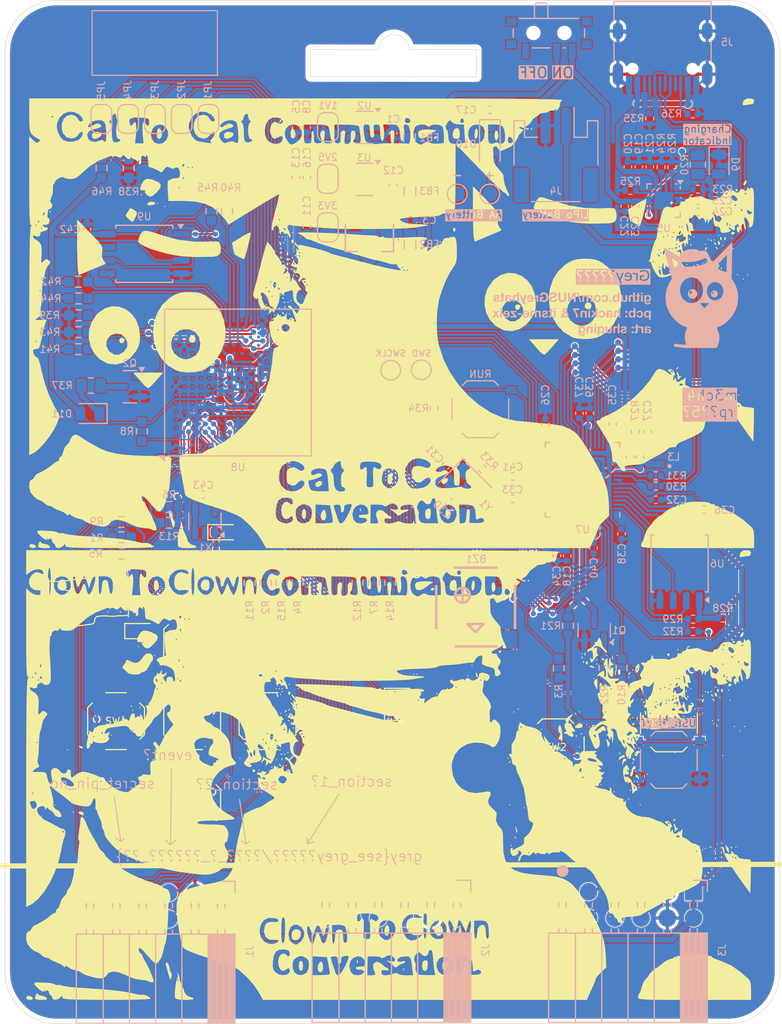
<source format=kicad_pcb>
(kicad_pcb (version 20240928) (generator "gerbview") (generator_version "9.0")
  (layers (0 F.Cu signal) (2 B.Cu signal) (1 F.Mask user) (3 B.Mask user) (5 F.SilkS user) (7 B.SilkS user) (13 F.Paste user) (15 B.Paste user) (25 Edge.Cuts user))
  (gr_arc (start 81.75001 144.98509) (mid 83.21446 148.52062) (end 86.74998 149.98509) (layer Edge.Cuts) (stroke (width 0.05)))
  (gr_line (start 86.74998 50.98509) (end 151.74998 50.98509) (layer Edge.Cuts) (stroke (width 0.05)))
  (gr_line (start 120.85236 55.74754) (end 127.381 55.753) (layer Edge.Cuts) (stroke (width 0.05)))
  (gr_line (start 151.74998 149.98509) (end 86.74998 149.98509) (layer Edge.Cuts) (stroke (width 0.05)))
  (gr_line (start 111.3282 58.3692) (end 127.381 58.3946) (layer Edge.Cuts) (stroke (width 0.05)))
  (gr_line (start 117.94733 55.76392) (end 111.3282 55.749) (layer Edge.Cuts) (stroke (width 0.05)))
  (gr_line (start 81.74998 144.98509) (end 81.74998 55.98509) (layer Edge.Cuts) (stroke (width 0.05)))
  (gr_arc (start 120.85228 55.74754) (mid 119.39162 54.30293) (end 117.94733 55.76392) (layer Edge.Cuts) (stroke (width 0.05)))
  (gr_line (start 111.3282 58.3692) (end 111.3282 55.74905) (layer Edge.Cuts) (stroke (width 0.05)))
  (gr_arc (start 86.74998 50.98509) (mid 83.21443 52.44954) (end 81.74998 55.98509) (layer Edge.Cuts) (stroke (width 0.05)))
  (gr_arc (start 151.74998 149.98508) (mid 155.28549 148.52059) (end 156.74998 144.98509) (layer Edge.Cuts) (stroke (width 0.05)))
  (gr_line (start 156.74998 55.98509) (end 156.74998 144.98509) (layer Edge.Cuts) (stroke (width 0.05)))
  (gr_arc (start 156.75001 55.98509) (mid 155.28553 52.44955) (end 151.74998 50.98509) (layer Edge.Cuts) (stroke (width 0.05)))
  (gr_line (start 127.381 58.3946) (end 127.381 55.753) (layer Edge.Cuts) (stroke (width 0.05)))
  (gr_line (start 81.51937 134.72522) (end 156.72697 134.56624) (layer F.SilkS) (stroke (width 0.5)))
  (gr_line (start 126.01201 118.69476) (end 126.6823 118.69476) (layer F.SilkS) (stroke (width 0.1)))
  (gr_line (start 98.94017 120.99972) (end 99.04017 121.03305) (layer F.SilkS) (stroke (width 0.1)))
  (gr_line (start 99.04017 121.03305) (end 99.20683 121.03305) (layer F.SilkS) (stroke (width 0.1)))
  (gr_line (start 99.20683 121.03305) (end 99.2735 120.99972) (layer F.SilkS) (stroke (width 0.1)))
  (gr_line (start 99.2735 120.99972) (end 99.30683 120.96638) (layer F.SilkS) (stroke (width 0.1)))
  (gr_line (start 99.30683 120.96638) (end 99.34017 120.89972) (layer F.SilkS) (stroke (width 0.1)))
  (gr_line (start 99.34017 120.89972) (end 99.34017 120.83305) (layer F.SilkS) (stroke (width 0.1)))
  (gr_line (start 99.34017 120.83305) (end 99.30683 120.76638) (layer F.SilkS) (stroke (width 0.1)))
  (gr_line (start 99.30683 120.76638) (end 99.2735 120.73305) (layer F.SilkS) (stroke (width 0.1)))
  (gr_line (start 99.2735 120.73305) (end 99.20683 120.69972) (layer F.SilkS) (stroke (width 0.1)))
  (gr_line (start 99.20683 120.69972) (end 99.0735 120.66638) (layer F.SilkS) (stroke (width 0.1)))
  (gr_line (start 99.0735 120.66638) (end 99.00683 120.63305) (layer F.SilkS) (stroke (width 0.1)))
  (gr_line (start 99.00683 120.63305) (end 98.9735 120.59972) (layer F.SilkS) (stroke (width 0.1)))
  (gr_line (start 98.9735 120.59972) (end 98.94017 120.53305) (layer F.SilkS) (stroke (width 0.1)))
  (gr_line (start 98.94017 120.53305) (end 98.94017 120.46638) (layer F.SilkS) (stroke (width 0.1)))
  (gr_line (start 98.94017 120.46638) (end 98.9735 120.39972) (layer F.SilkS) (stroke (width 0.1)))
  (gr_line (start 98.9735 120.39972) (end 99.00683 120.36638) (layer F.SilkS) (stroke (width 0.1)))
  (gr_line (start 99.00683 120.36638) (end 99.0735 120.33305) (layer F.SilkS) (stroke (width 0.1)))
  (gr_line (start 99.0735 120.33305) (end 99.24017 120.33305) (layer F.SilkS) (stroke (width 0.1)))
  (gr_line (start 99.24017 120.33305) (end 99.34017 120.36638) (layer F.SilkS) (stroke (width 0.1)))
  (gr_line (start 99.5735 120.33305) (end 99.74017 121.03305) (layer F.SilkS) (stroke (width 0.1)))
  (gr_line (start 99.74017 121.03305) (end 99.8735 120.53305) (layer F.SilkS) (stroke (width 0.1)))
  (gr_line (start 99.8735 120.53305) (end 100.00683 121.03305) (layer F.SilkS) (stroke (width 0.1)))
  (gr_line (start 100.00683 121.03305) (end 100.1735 120.33305) (layer F.SilkS) (stroke (width 0.1)))
  (gr_line (start 100.7735 120.33305) (end 100.44017 120.33305) (layer F.SilkS) (stroke (width 0.1)))
  (gr_line (start 100.44017 120.33305) (end 100.40683 120.66638) (layer F.SilkS) (stroke (width 0.1)))
  (gr_line (start 100.40683 120.66638) (end 100.44017 120.63305) (layer F.SilkS) (stroke (width 0.1)))
  (gr_line (start 100.44017 120.63305) (end 100.50683 120.59972) (layer F.SilkS) (stroke (width 0.1)))
  (gr_line (start 100.50683 120.59972) (end 100.6735 120.59972) (layer F.SilkS) (stroke (width 0.1)))
  (gr_line (start 100.6735 120.59972) (end 100.74017 120.63305) (layer F.SilkS) (stroke (width 0.1)))
  (gr_line (start 100.74017 120.63305) (end 100.7735 120.66638) (layer F.SilkS) (stroke (width 0.1)))
  (gr_line (start 100.7735 120.66638) (end 100.80683 120.73305) (layer F.SilkS) (stroke (width 0.1)))
  (gr_line (start 100.80683 120.73305) (end 100.80683 120.89972) (layer F.SilkS) (stroke (width 0.1)))
  (gr_line (start 100.80683 120.89972) (end 100.7735 120.96638) (layer F.SilkS) (stroke (width 0.1)))
  (gr_line (start 100.7735 120.96638) (end 100.74017 120.99972) (layer F.SilkS) (stroke (width 0.1)))
  (gr_line (start 100.74017 120.99972) (end 100.6735 121.03305) (layer F.SilkS) (stroke (width 0.1)))
  (gr_line (start 100.6735 121.03305) (end 100.50683 121.03305) (layer F.SilkS) (stroke (width 0.1)))
  (gr_line (start 100.50683 121.03305) (end 100.44017 120.99972) (layer F.SilkS) (stroke (width 0.1)))
  (gr_line (start 100.44017 120.99972) (end 100.40683 120.96638) (layer F.SilkS) (stroke (width 0.1)))
  (gr_line (start 98.94017 113.40459) (end 99.04017 113.43792) (layer F.SilkS) (stroke (width 0.1)))
  (gr_line (start 99.04017 113.43792) (end 99.20683 113.43792) (layer F.SilkS) (stroke (width 0.1)))
  (gr_line (start 99.20683 113.43792) (end 99.2735 113.40459) (layer F.SilkS) (stroke (width 0.1)))
  (gr_line (start 99.2735 113.40459) (end 99.30683 113.37125) (layer F.SilkS) (stroke (width 0.1)))
  (gr_line (start 99.30683 113.37125) (end 99.34017 113.30459) (layer F.SilkS) (stroke (width 0.1)))
  (gr_line (start 99.34017 113.30459) (end 99.34017 113.23792) (layer F.SilkS) (stroke (width 0.1)))
  (gr_line (start 99.34017 113.23792) (end 99.30683 113.17125) (layer F.SilkS) (stroke (width 0.1)))
  (gr_line (start 99.30683 113.17125) (end 99.2735 113.13792) (layer F.SilkS) (stroke (width 0.1)))
  (gr_line (start 99.2735 113.13792) (end 99.20683 113.10459) (layer F.SilkS) (stroke (width 0.1)))
  (gr_line (start 99.20683 113.10459) (end 99.0735 113.07125) (layer F.SilkS) (stroke (width 0.1)))
  (gr_line (start 99.0735 113.07125) (end 99.00683 113.03792) (layer F.SilkS) (stroke (width 0.1)))
  (gr_line (start 99.00683 113.03792) (end 98.9735 113.00459) (layer F.SilkS) (stroke (width 0.1)))
  (gr_line (start 98.9735 113.00459) (end 98.94017 112.93792) (layer F.SilkS) (stroke (width 0.1)))
  (gr_line (start 98.94017 112.93792) (end 98.94017 112.87125) (layer F.SilkS) (stroke (width 0.1)))
  (gr_line (start 98.94017 112.87125) (end 98.9735 112.80459) (layer F.SilkS) (stroke (width 0.1)))
  (gr_line (start 98.9735 112.80459) (end 99.00683 112.77125) (layer F.SilkS) (stroke (width 0.1)))
  (gr_line (start 99.00683 112.77125) (end 99.0735 112.73792) (layer F.SilkS) (stroke (width 0.1)))
  (gr_line (start 99.0735 112.73792) (end 99.24017 112.73792) (layer F.SilkS) (stroke (width 0.1)))
  (gr_line (start 99.24017 112.73792) (end 99.34017 112.77125) (layer F.SilkS) (stroke (width 0.1)))
  (gr_line (start 99.5735 112.73792) (end 99.74017 113.43792) (layer F.SilkS) (stroke (width 0.1)))
  (gr_line (start 99.74017 113.43792) (end 99.8735 112.93792) (layer F.SilkS) (stroke (width 0.1)))
  (gr_line (start 99.8735 112.93792) (end 100.00683 113.43792) (layer F.SilkS) (stroke (width 0.1)))
  (gr_line (start 100.00683 113.43792) (end 100.1735 112.73792) (layer F.SilkS) (stroke (width 0.1)))
  (gr_line (start 100.80683 113.43792) (end 100.40683 113.43792) (layer F.SilkS) (stroke (width 0.1)))
  (gr_line (start 100.60683 113.43792) (end 100.60683 112.73792) (layer F.SilkS) (stroke (width 0.1)))
  (gr_line (start 100.60683 112.73792) (end 100.54017 112.83792) (layer F.SilkS) (stroke (width 0.1)))
  (gr_line (start 100.54017 112.83792) (end 100.4735 112.90459) (layer F.SilkS) (stroke (width 0.1)))
  (gr_line (start 100.4735 112.90459) (end 100.40683 112.93792) (layer F.SilkS) (stroke (width 0.1)))
  (gr_line (start 98.94017 128.89319) (end 99.04017 128.92652) (layer F.SilkS) (stroke (width 0.1)))
  (gr_line (start 99.04017 128.92652) (end 99.20683 128.92652) (layer F.SilkS) (stroke (width 0.1)))
  (gr_line (start 99.20683 128.92652) (end 99.2735 128.89319) (layer F.SilkS) (stroke (width 0.1)))
  (gr_line (start 99.2735 128.89319) (end 99.30683 128.85985) (layer F.SilkS) (stroke (width 0.1)))
  (gr_line (start 99.30683 128.85985) (end 99.34017 128.79319) (layer F.SilkS) (stroke (width 0.1)))
  (gr_line (start 99.34017 128.79319) (end 99.34017 128.72652) (layer F.SilkS) (stroke (width 0.1)))
  (gr_line (start 99.34017 128.72652) (end 99.30683 128.65985) (layer F.SilkS) (stroke (width 0.1)))
  (gr_line (start 99.30683 128.65985) (end 99.2735 128.62652) (layer F.SilkS) (stroke (width 0.1)))
  (gr_line (start 99.2735 128.62652) (end 99.20683 128.59319) (layer F.SilkS) (stroke (width 0.1)))
  (gr_line (start 99.20683 128.59319) (end 99.0735 128.55985) (layer F.SilkS) (stroke (width 0.1)))
  (gr_line (start 99.0735 128.55985) (end 99.00683 128.52652) (layer F.SilkS) (stroke (width 0.1)))
  (gr_line (start 99.00683 128.52652) (end 98.9735 128.49319) (layer F.SilkS) (stroke (width 0.1)))
  (gr_line (start 98.9735 128.49319) (end 98.94017 128.42652) (layer F.SilkS) (stroke (width 0.1)))
  (gr_line (start 98.94017 128.42652) (end 98.94017 128.35985) (layer F.SilkS) (stroke (width 0.1)))
  (gr_line (start 98.94017 128.35985) (end 98.9735 128.29319) (layer F.SilkS) (stroke (width 0.1)))
  (gr_line (start 98.9735 128.29319) (end 99.00683 128.25985) (layer F.SilkS) (stroke (width 0.1)))
  (gr_line (start 99.00683 128.25985) (end 99.0735 128.22652) (layer F.SilkS) (stroke (width 0.1)))
  (gr_line (start 99.0735 128.22652) (end 99.24017 128.22652) (layer F.SilkS) (stroke (width 0.1)))
  (gr_line (start 99.24017 128.22652) (end 99.34017 128.25985) (layer F.SilkS) (stroke (width 0.1)))
  (gr_line (start 99.5735 128.22652) (end 99.74017 128.92652) (layer F.SilkS) (stroke (width 0.1)))
  (gr_line (start 99.74017 128.92652) (end 99.8735 128.42652) (layer F.SilkS) (stroke (width 0.1)))
  (gr_line (start 99.8735 128.42652) (end 100.00683 128.92652) (layer F.SilkS) (stroke (width 0.1)))
  (gr_line (start 100.00683 128.92652) (end 100.1735 128.22652) (layer F.SilkS) (stroke (width 0.1)))
  (gr_line (start 100.3735 128.22652) (end 100.84017 128.22652) (layer F.SilkS) (stroke (width 0.1)))
  (gr_line (start 100.84017 128.22652) (end 100.54017 128.92652) (layer F.SilkS) (stroke (width 0.1)))
  (gr_line (start 117.56433 125.18059) (end 117.42147 125.10916) (layer F.SilkS) (stroke (width 0.3)))
  (gr_line (start 117.42147 125.10916) (end 117.20719 125.10916) (layer F.SilkS) (stroke (width 0.3)))
  (gr_line (start 117.20719 125.10916) (end 116.9929 125.18059) (layer F.SilkS) (stroke (width 0.3)))
  (gr_line (start 116.9929 125.18059) (end 116.85004 125.32345) (layer F.SilkS) (stroke (width 0.3)))
  (gr_line (start 116.85004 125.32345) (end 116.77862 125.4663) (layer F.SilkS) (stroke (width 0.3)))
  (gr_line (start 116.77862 125.4663) (end 116.70719 125.75202) (layer F.SilkS) (stroke (width 0.3)))
  (gr_line (start 116.70719 125.75202) (end 116.70719 125.9663) (layer F.SilkS) (stroke (width 0.3)))
  (gr_line (start 116.70719 125.9663) (end 116.77862 126.25202) (layer F.SilkS) (stroke (width 0.3)))
  (gr_line (start 116.77862 126.25202) (end 116.85004 126.39487) (layer F.SilkS) (stroke (width 0.3)))
  (gr_line (start 116.85004 126.39487) (end 116.9929 126.53773) (layer F.SilkS) (stroke (width 0.3)))
  (gr_line (start 116.9929 126.53773) (end 117.20719 126.60916) (layer F.SilkS) (stroke (width 0.3)))
  (gr_line (start 117.20719 126.60916) (end 117.35004 126.60916) (layer F.SilkS) (stroke (width 0.3)))
  (gr_line (start 117.35004 126.60916) (end 117.56433 126.53773) (layer F.SilkS) (stroke (width 0.3)))
  (gr_line (start 117.56433 126.53773) (end 117.63576 126.4663) (layer F.SilkS) (stroke (width 0.3)))
  (gr_line (start 117.63576 126.4663) (end 117.63576 125.9663) (layer F.SilkS) (stroke (width 0.3)))
  (gr_line (start 117.63576 125.9663) (end 117.35004 125.9663) (layer F.SilkS) (stroke (width 0.3)))
  (gr_line (start 118.4929 125.10916) (end 118.4929 125.4663) (layer F.SilkS) (stroke (width 0.3)))
  (gr_line (start 118.13576 125.32345) (end 118.4929 125.4663) (layer F.SilkS) (stroke (width 0.3)))
  (gr_line (start 118.4929 125.4663) (end 118.85004 125.32345) (layer F.SilkS) (stroke (width 0.3)))
  (gr_line (start 118.27862 125.75202) (end 118.4929 125.4663) (layer F.SilkS) (stroke (width 0.3)))
  (gr_line (start 118.4929 125.4663) (end 118.70719 125.75202) (layer F.SilkS) (stroke (width 0.3)))
  (gr_line (start 119.63576 125.10916) (end 119.63576 125.4663) (layer F.SilkS) (stroke (width 0.3)))
  (gr_line (start 119.27862 125.32345) (end 119.63576 125.4663) (layer F.SilkS) (stroke (width 0.3)))
  (gr_line (start 119.63576 125.4663) (end 119.9929 125.32345) (layer F.SilkS) (stroke (width 0.3)))
  (gr_line (start 119.42147 125.75202) (end 119.63576 125.4663) (layer F.SilkS) (stroke (width 0.3)))
  (gr_line (start 119.63576 125.4663) (end 119.85004 125.75202) (layer F.SilkS) (stroke (width 0.3)))
  (gr_line (start 120.77862 125.10916) (end 120.77862 125.4663) (layer F.SilkS) (stroke (width 0.3)))
  (gr_line (start 120.42147 125.32345) (end 120.77862 125.4663) (layer F.SilkS) (stroke (width 0.3)))
  (gr_line (start 120.77862 125.4663) (end 121.13576 125.32345) (layer F.SilkS) (stroke (width 0.3)))
  (gr_line (start 120.56433 125.75202) (end 120.77862 125.4663) (layer F.SilkS) (stroke (width 0.3)))
  (gr_line (start 120.77862 125.4663) (end 120.9929 125.75202) (layer F.SilkS) (stroke (width 0.3)))
  (gr_line (start 91.57218 120.99972) (end 91.67218 121.03305) (layer F.SilkS) (stroke (width 0.1)))
  (gr_line (start 91.67218 121.03305) (end 91.83884 121.03305) (layer F.SilkS) (stroke (width 0.1)))
  (gr_line (start 91.83884 121.03305) (end 91.90551 120.99972) (layer F.SilkS) (stroke (width 0.1)))
  (gr_line (start 91.90551 120.99972) (end 91.93884 120.96638) (layer F.SilkS) (stroke (width 0.1)))
  (gr_line (start 91.93884 120.96638) (end 91.97218 120.89972) (layer F.SilkS) (stroke (width 0.1)))
  (gr_line (start 91.97218 120.89972) (end 91.97218 120.83305) (layer F.SilkS) (stroke (width 0.1)))
  (gr_line (start 91.97218 120.83305) (end 91.93884 120.76638) (layer F.SilkS) (stroke (width 0.1)))
  (gr_line (start 91.93884 120.76638) (end 91.90551 120.73305) (layer F.SilkS) (stroke (width 0.1)))
  (gr_line (start 91.90551 120.73305) (end 91.83884 120.69972) (layer F.SilkS) (stroke (width 0.1)))
  (gr_line (start 91.83884 120.69972) (end 91.70551 120.66638) (layer F.SilkS) (stroke (width 0.1)))
  (gr_line (start 91.70551 120.66638) (end 91.63884 120.63305) (layer F.SilkS) (stroke (width 0.1)))
  (gr_line (start 91.63884 120.63305) (end 91.60551 120.59972) (layer F.SilkS) (stroke (width 0.1)))
  (gr_line (start 91.60551 120.59972) (end 91.57218 120.53305) (layer F.SilkS) (stroke (width 0.1)))
  (gr_line (start 91.57218 120.53305) (end 91.57218 120.46638) (layer F.SilkS) (stroke (width 0.1)))
  (gr_line (start 91.57218 120.46638) (end 91.60551 120.39972) (layer F.SilkS) (stroke (width 0.1)))
  (gr_line (start 91.60551 120.39972) (end 91.63884 120.36638) (layer F.SilkS) (stroke (width 0.1)))
  (gr_line (start 91.63884 120.36638) (end 91.70551 120.33305) (layer F.SilkS) (stroke (width 0.1)))
  (gr_line (start 91.70551 120.33305) (end 91.87218 120.33305) (layer F.SilkS) (stroke (width 0.1)))
  (gr_line (start 91.87218 120.33305) (end 91.97218 120.36638) (layer F.SilkS) (stroke (width 0.1)))
  (gr_line (start 92.20551 120.33305) (end 92.37218 121.03305) (layer F.SilkS) (stroke (width 0.1)))
  (gr_line (start 92.37218 121.03305) (end 92.50551 120.53305) (layer F.SilkS) (stroke (width 0.1)))
  (gr_line (start 92.50551 120.53305) (end 92.63884 121.03305) (layer F.SilkS) (stroke (width 0.1)))
  (gr_line (start 92.63884 121.03305) (end 92.80551 120.33305) (layer F.SilkS) (stroke (width 0.1)))
  (gr_line (start 93.37218 120.56638) (end 93.37218 121.03305) (layer F.SilkS) (stroke (width 0.1)))
  (gr_line (start 93.20551 120.29972) (end 93.03884 120.79972) (layer F.SilkS) (stroke (width 0.1)))
  (gr_line (start 93.03884 120.79972) (end 93.47218 120.79972) (layer F.SilkS) (stroke (width 0.1)))
  (gr_line (start 145.08584 121.28593) (end 145.18584 121.31927) (layer F.SilkS) (stroke (width 0.1)))
  (gr_line (start 145.18584 121.31927) (end 145.3525 121.31927) (layer F.SilkS) (stroke (width 0.1)))
  (gr_line (start 145.3525 121.31927) (end 145.41917 121.28593) (layer F.SilkS) (stroke (width 0.1)))
  (gr_line (start 145.41917 121.28593) (end 145.4525 121.2526) (layer F.SilkS) (stroke (width 0.1)))
  (gr_line (start 145.4525 121.2526) (end 145.48584 121.18593) (layer F.SilkS) (stroke (width 0.1)))
  (gr_line (start 145.48584 121.18593) (end 145.48584 121.11927) (layer F.SilkS) (stroke (width 0.1)))
  (gr_line (start 145.48584 121.11927) (end 145.4525 121.0526) (layer F.SilkS) (stroke (width 0.1)))
  (gr_line (start 145.4525 121.0526) (end 145.41917 121.01927) (layer F.SilkS) (stroke (width 0.1)))
  (gr_line (start 145.41917 121.01927) (end 145.3525 120.98593) (layer F.SilkS) (stroke (width 0.1)))
  (gr_line (start 145.3525 120.98593) (end 145.21917 120.9526) (layer F.SilkS) (stroke (width 0.1)))
  (gr_line (start 145.21917 120.9526) (end 145.1525 120.91927) (layer F.SilkS) (stroke (width 0.1)))
  (gr_line (start 145.1525 120.91927) (end 145.11917 120.88593) (layer F.SilkS) (stroke (width 0.1)))
  (gr_line (start 145.11917 120.88593) (end 145.08584 120.81927) (layer F.SilkS) (stroke (width 0.1)))
  (gr_line (start 145.08584 120.81927) (end 145.08584 120.7526) (layer F.SilkS) (stroke (width 0.1)))
  (gr_line (start 145.08584 120.7526) (end 145.11917 120.68593) (layer F.SilkS) (stroke (width 0.1)))
  (gr_line (start 145.11917 120.68593) (end 145.1525 120.6526) (layer F.SilkS) (stroke (width 0.1)))
  (gr_line (start 145.1525 120.6526) (end 145.21917 120.61927) (layer F.SilkS) (stroke (width 0.1)))
  (gr_line (start 145.21917 120.61927) (end 145.38584 120.61927) (layer F.SilkS) (stroke (width 0.1)))
  (gr_line (start 145.38584 120.61927) (end 145.48584 120.6526) (layer F.SilkS) (stroke (width 0.1)))
  (gr_line (start 145.71917 120.61927) (end 145.88584 121.31927) (layer F.SilkS) (stroke (width 0.1)))
  (gr_line (start 145.88584 121.31927) (end 146.01917 120.81927) (layer F.SilkS) (stroke (width 0.1)))
  (gr_line (start 146.01917 120.81927) (end 146.1525 121.31927) (layer F.SilkS) (stroke (width 0.1)))
  (gr_line (start 146.1525 121.31927) (end 146.31917 120.61927) (layer F.SilkS) (stroke (width 0.1)))
  (gr_line (start 146.88584 120.61927) (end 146.7525 120.61927) (layer F.SilkS) (stroke (width 0.1)))
  (gr_line (start 146.7525 120.61927) (end 146.68584 120.6526) (layer F.SilkS) (stroke (width 0.1)))
  (gr_line (start 146.68584 120.6526) (end 146.6525 120.68593) (layer F.SilkS) (stroke (width 0.1)))
  (gr_line (start 146.6525 120.68593) (end 146.58584 120.78593) (layer F.SilkS) (stroke (width 0.1)))
  (gr_line (start 146.58584 120.78593) (end 146.5525 120.91927) (layer F.SilkS) (stroke (width 0.1)))
  (gr_line (start 146.5525 120.91927) (end 146.5525 121.18593) (layer F.SilkS) (stroke (width 0.1)))
  (gr_line (start 146.5525 121.18593) (end 146.58584 121.2526) (layer F.SilkS) (stroke (width 0.1)))
  (gr_line (start 146.58584 121.2526) (end 146.61917 121.28593) (layer F.SilkS) (stroke (width 0.1)))
  (gr_line (start 146.61917 121.28593) (end 146.68584 121.31927) (layer F.SilkS) (stroke (width 0.1)))
  (gr_line (start 146.68584 121.31927) (end 146.81917 121.31927) (layer F.SilkS) (stroke (width 0.1)))
  (gr_line (start 146.81917 121.31927) (end 146.88584 121.28593) (layer F.SilkS) (stroke (width 0.1)))
  (gr_line (start 146.88584 121.28593) (end 146.91917 121.2526) (layer F.SilkS) (stroke (width 0.1)))
  (gr_line (start 146.91917 121.2526) (end 146.9525 121.18593) (layer F.SilkS) (stroke (width 0.1)))
  (gr_line (start 146.9525 121.18593) (end 146.9525 121.01927) (layer F.SilkS) (stroke (width 0.1)))
  (gr_line (start 146.9525 121.01927) (end 146.91917 120.9526) (layer F.SilkS) (stroke (width 0.1)))
  (gr_line (start 146.91917 120.9526) (end 146.88584 120.91927) (layer F.SilkS) (stroke (width 0.1)))
  (gr_line (start 146.88584 120.91927) (end 146.81917 120.88593) (layer F.SilkS) (stroke (width 0.1)))
  (gr_line (start 146.81917 120.88593) (end 146.68584 120.88593) (layer F.SilkS) (stroke (width 0.1)))
  (gr_line (start 146.68584 120.88593) (end 146.61917 120.91927) (layer F.SilkS) (stroke (width 0.1)))
  (gr_line (start 146.61917 120.91927) (end 146.58584 120.9526) (layer F.SilkS) (stroke (width 0.1)))
  (gr_line (start 146.58584 120.9526) (end 146.5525 121.01927) (layer F.SilkS) (stroke (width 0.1)))
  (gr_line (start 106.22914 120.99972) (end 106.32914 121.03305) (layer F.SilkS) (stroke (width 0.1)))
  (gr_line (start 106.32914 121.03305) (end 106.4958 121.03305) (layer F.SilkS) (stroke (width 0.1)))
  (gr_line (start 106.4958 121.03305) (end 106.56247 120.99972) (layer F.SilkS) (stroke (width 0.1)))
  (gr_line (start 106.56247 120.99972) (end 106.5958 120.96638) (layer F.SilkS) (stroke (width 0.1)))
  (gr_line (start 106.5958 120.96638) (end 106.62914 120.89972) (layer F.SilkS) (stroke (width 0.1)))
  (gr_line (start 106.62914 120.89972) (end 106.62914 120.83305) (layer F.SilkS) (stroke (width 0.1)))
  (gr_line (start 106.62914 120.83305) (end 106.5958 120.76638) (layer F.SilkS) (stroke (width 0.1)))
  (gr_line (start 106.5958 120.76638) (end 106.56247 120.73305) (layer F.SilkS) (stroke (width 0.1)))
  (gr_line (start 106.56247 120.73305) (end 106.4958 120.69972) (layer F.SilkS) (stroke (width 0.1)))
  (gr_line (start 106.4958 120.69972) (end 106.36247 120.66638) (layer F.SilkS) (stroke (width 0.1)))
  (gr_line (start 106.36247 120.66638) (end 106.2958 120.63305) (layer F.SilkS) (stroke (width 0.1)))
  (gr_line (start 106.2958 120.63305) (end 106.26247 120.59972) (layer F.SilkS) (stroke (width 0.1)))
  (gr_line (start 106.26247 120.59972) (end 106.22914 120.53305) (layer F.SilkS) (stroke (width 0.1)))
  (gr_line (start 106.22914 120.53305) (end 106.22914 120.46638) (layer F.SilkS) (stroke (width 0.1)))
  (gr_line (start 106.22914 120.46638) (end 106.26247 120.39972) (layer F.SilkS) (stroke (width 0.1)))
  (gr_line (start 106.26247 120.39972) (end 106.2958 120.36638) (layer F.SilkS) (stroke (width 0.1)))
  (gr_line (start 106.2958 120.36638) (end 106.36247 120.33305) (layer F.SilkS) (stroke (width 0.1)))
  (gr_line (start 106.36247 120.33305) (end 106.52914 120.33305) (layer F.SilkS) (stroke (width 0.1)))
  (gr_line (start 106.52914 120.33305) (end 106.62914 120.36638) (layer F.SilkS) (stroke (width 0.1)))
  (gr_line (start 106.86247 120.33305) (end 107.02914 121.03305) (layer F.SilkS) (stroke (width 0.1)))
  (gr_line (start 107.02914 121.03305) (end 107.16247 120.53305) (layer F.SilkS) (stroke (width 0.1)))
  (gr_line (start 107.16247 120.53305) (end 107.2958 121.03305) (layer F.SilkS) (stroke (width 0.1)))
  (gr_line (start 107.2958 121.03305) (end 107.46247 120.33305) (layer F.SilkS) (stroke (width 0.1)))
  (gr_line (start 107.66247 120.33305) (end 108.0958 120.33305) (layer F.SilkS) (stroke (width 0.1)))
  (gr_line (start 108.0958 120.33305) (end 107.86247 120.59972) (layer F.SilkS) (stroke (width 0.1)))
  (gr_line (start 107.86247 120.59972) (end 107.96247 120.59972) (layer F.SilkS) (stroke (width 0.1)))
  (gr_line (start 107.96247 120.59972) (end 108.02914 120.63305) (layer F.SilkS) (stroke (width 0.1)))
  (gr_line (start 108.02914 120.63305) (end 108.06247 120.66638) (layer F.SilkS) (stroke (width 0.1)))
  (gr_line (start 108.06247 120.66638) (end 108.0958 120.73305) (layer F.SilkS) (stroke (width 0.1)))
  (gr_line (start 108.0958 120.73305) (end 108.0958 120.89972) (layer F.SilkS) (stroke (width 0.1)))
  (gr_line (start 108.0958 120.89972) (end 108.06247 120.96638) (layer F.SilkS) (stroke (width 0.1)))
  (gr_line (start 108.06247 120.96638) (end 108.02914 120.99972) (layer F.SilkS) (stroke (width 0.1)))
  (gr_line (start 108.02914 120.99972) (end 107.96247 121.03305) (layer F.SilkS) (stroke (width 0.1)))
  (gr_line (start 107.96247 121.03305) (end 107.76247 121.03305) (layer F.SilkS) (stroke (width 0.1)))
  (gr_line (start 107.76247 121.03305) (end 107.6958 120.99972) (layer F.SilkS) (stroke (width 0.1)))
  (gr_line (start 107.6958 120.99972) (end 107.66247 120.96638) (layer F.SilkS) (stroke (width 0.1)))
  (gr_line (start 134.12517 123.51469) (end 134.22517 123.54802) (layer F.SilkS) (stroke (width 0.1)))
  (gr_line (start 134.22517 123.54802) (end 134.39184 123.54802) (layer F.SilkS) (stroke (width 0.1)))
  (gr_line (start 134.39184 123.54802) (end 134.4585 123.51469) (layer F.SilkS) (stroke (width 0.1)))
  (gr_line (start 134.4585 123.51469) (end 134.49184 123.48135) (layer F.SilkS) (stroke (width 0.1)))
  (gr_line (start 134.49184 123.48135) (end 134.52517 123.41469) (layer F.SilkS) (stroke (width 0.1)))
  (gr_line (start 134.52517 123.41469) (end 134.52517 123.34802) (layer F.SilkS) (stroke (width 0.1)))
  (gr_line (start 134.52517 123.34802) (end 134.49184 123.28135) (layer F.SilkS) (stroke (width 0.1)))
  (gr_line (start 134.49184 123.28135) (end 134.4585 123.24802) (layer F.SilkS) (stroke (width 0.1)))
  (gr_line (start 134.4585 123.24802) (end 134.39184 123.21469) (layer F.SilkS) (stroke (width 0.1)))
  (gr_line (start 134.39184 123.21469) (end 134.2585 123.18135) (layer F.SilkS) (stroke (width 0.1)))
  (gr_line (start 134.2585 123.18135) (end 134.19184 123.14802) (layer F.SilkS) (stroke (width 0.1)))
  (gr_line (start 134.19184 123.14802) (end 134.1585 123.11469) (layer F.SilkS) (stroke (width 0.1)))
  (gr_line (start 134.1585 123.11469) (end 134.12517 123.04802) (layer F.SilkS) (stroke (width 0.1)))
  (gr_line (start 134.12517 123.04802) (end 134.12517 122.98135) (layer F.SilkS) (stroke (width 0.1)))
  (gr_line (start 134.12517 122.98135) (end 134.1585 122.91469) (layer F.SilkS) (stroke (width 0.1)))
  (gr_line (start 134.1585 122.91469) (end 134.19184 122.88135) (layer F.SilkS) (stroke (width 0.1)))
  (gr_line (start 134.19184 122.88135) (end 134.2585 122.84802) (layer F.SilkS) (stroke (width 0.1)))
  (gr_line (start 134.2585 122.84802) (end 134.42517 122.84802) (layer F.SilkS) (stroke (width 0.1)))
  (gr_line (start 134.42517 122.84802) (end 134.52517 122.88135) (layer F.SilkS) (stroke (width 0.1)))
  (gr_line (start 134.7585 122.84802) (end 134.92517 123.54802) (layer F.SilkS) (stroke (width 0.1)))
  (gr_line (start 134.92517 123.54802) (end 135.0585 123.04802) (layer F.SilkS) (stroke (width 0.1)))
  (gr_line (start 135.0585 123.04802) (end 135.19184 123.54802) (layer F.SilkS) (stroke (width 0.1)))
  (gr_line (start 135.19184 123.54802) (end 135.3585 122.84802) (layer F.SilkS) (stroke (width 0.1)))
  (gr_line (start 135.59184 122.91469) (end 135.62517 122.88135) (layer F.SilkS) (stroke (width 0.1)))
  (gr_line (start 135.62517 122.88135) (end 135.69184 122.84802) (layer F.SilkS) (stroke (width 0.1)))
  (gr_line (start 135.69184 122.84802) (end 135.8585 122.84802) (layer F.SilkS) (stroke (width 0.1)))
  (gr_line (start 135.8585 122.84802) (end 135.92517 122.88135) (layer F.SilkS) (stroke (width 0.1)))
  (gr_line (start 135.92517 122.88135) (end 135.9585 122.91469) (layer F.SilkS) (stroke (width 0.1)))
  (gr_line (start 135.9585 122.91469) (end 135.99184 122.98135) (layer F.SilkS) (stroke (width 0.1)))
  (gr_line (start 135.99184 122.98135) (end 135.99184 123.04802) (layer F.SilkS) (stroke (width 0.1)))
  (gr_line (start 135.99184 123.04802) (end 135.9585 123.14802) (layer F.SilkS) (stroke (width 0.1)))
  (gr_line (start 135.9585 123.14802) (end 135.5585 123.54802) (layer F.SilkS) (stroke (width 0.1)))
  (gr_line (start 135.5585 123.54802) (end 135.99184 123.54802) (layer F.SilkS) (stroke (width 0.1)))
  (gr_line (start 117.85949 81.47857) (end 117.71664 81.40714) (layer F.SilkS) (stroke (width 0.3)))
  (gr_line (start 117.71664 81.40714) (end 117.50235 81.40714) (layer F.SilkS) (stroke (width 0.3)))
  (gr_line (start 117.50235 81.40714) (end 117.28806 81.47857) (layer F.SilkS) (stroke (width 0.3)))
  (gr_line (start 117.28806 81.47857) (end 117.14521 81.62143) (layer F.SilkS) (stroke (width 0.3)))
  (gr_line (start 117.14521 81.62143) (end 117.07378 81.76429) (layer F.SilkS) (stroke (width 0.3)))
  (gr_line (start 117.07378 81.76429) (end 117.00235 82.05) (layer F.SilkS) (stroke (width 0.3)))
  (gr_line (start 117.00235 82.05) (end 117.00235 82.26429) (layer F.SilkS) (stroke (width 0.3)))
  (gr_line (start 117.00235 82.26429) (end 117.07378 82.55) (layer F.SilkS) (stroke (width 0.3)))
  (gr_line (start 117.07378 82.55) (end 117.14521 82.69286) (layer F.SilkS) (stroke (width 0.3)))
  (gr_line (start 117.14521 82.69286) (end 117.28806 82.83572) (layer F.SilkS) (stroke (width 0.3)))
  (gr_line (start 117.28806 82.83572) (end 117.50235 82.90714) (layer F.SilkS) (stroke (width 0.3)))
  (gr_line (start 117.50235 82.90714) (end 117.64521 82.90714) (layer F.SilkS) (stroke (width 0.3)))
  (gr_line (start 117.64521 82.90714) (end 117.85949 82.83572) (layer F.SilkS) (stroke (width 0.3)))
  (gr_line (start 117.85949 82.83572) (end 117.93092 82.76429) (layer F.SilkS) (stroke (width 0.3)))
  (gr_line (start 117.93092 82.76429) (end 117.93092 82.26429) (layer F.SilkS) (stroke (width 0.3)))
  (gr_line (start 117.93092 82.26429) (end 117.64521 82.26429) (layer F.SilkS) (stroke (width 0.3)))
  (gr_line (start 118.78806 81.40714) (end 118.78806 81.76429) (layer F.SilkS) (stroke (width 0.3)))
  (gr_line (start 118.43092 81.62143) (end 118.78806 81.76429) (layer F.SilkS) (stroke (width 0.3)))
  (gr_line (start 118.78806 81.76429) (end 119.14521 81.62143) (layer F.SilkS) (stroke (width 0.3)))
  (gr_line (start 118.57378 82.05) (end 118.78806 81.76429) (layer F.SilkS) (stroke (width 0.3)))
  (gr_line (start 118.78806 81.76429) (end 119.00235 82.05) (layer F.SilkS) (stroke (width 0.3)))
  (gr_line (start 119.93092 81.40714) (end 119.93092 81.76429) (layer F.SilkS) (stroke (width 0.3)))
  (gr_line (start 119.57378 81.62143) (end 119.93092 81.76429) (layer F.SilkS) (stroke (width 0.3)))
  (gr_line (start 119.93092 81.76429) (end 120.28806 81.62143) (layer F.SilkS) (stroke (width 0.3)))
  (gr_line (start 119.71663 82.05) (end 119.93092 81.76429) (layer F.SilkS) (stroke (width 0.3)))
  (gr_line (start 119.93092 81.76429) (end 120.14521 82.05) (layer F.SilkS) (stroke (width 0.3)))
  (gr_line (start 121.07378 81.40714) (end 121.07378 81.76429) (layer F.SilkS) (stroke (width 0.3)))
  (gr_line (start 120.71663 81.62143) (end 121.07378 81.76429) (layer F.SilkS) (stroke (width 0.3)))
  (gr_line (start 121.07378 81.76429) (end 121.43092 81.62143) (layer F.SilkS) (stroke (width 0.3)))
  (gr_line (start 120.85949 82.05) (end 121.07378 81.76429) (layer F.SilkS) (stroke (width 0.3)))
  (gr_line (start 121.07378 81.76429) (end 121.28806 82.05) (layer F.SilkS) (stroke (width 0.3)))
  (gr_line (start 104.32784 88.1) (end 104.11216 88.1) (layer F.SilkS) (stroke (width 0.12)))
  (gr_line (start 104.32784 88.82) (end 104.11216 88.82) (layer F.SilkS) (stroke (width 0.12)))
  (gr_line (start 121.85746 126.12231) (end 121.85746 127.59231) (layer F.SilkS) (stroke (width 0.12)))
  (gr_line (start 121.85746 127.59231) (end 124.31746 127.59231) (layer F.SilkS) (stroke (width 0.12)))
  (gr_line (start 124.31746 126.12231) (end 121.85746 126.12231) (layer F.SilkS) (stroke (width 0.12)))
  (gr_line (start 101.92784 86.265) (end 101.71216 86.265) (layer F.SilkS) (stroke (width 0.12)))
  (gr_line (start 101.92784 86.985) (end 101.71216 86.985) (layer F.SilkS) (stroke (width 0.12)))
  (gr_line (start 97.1235 122.01442) (end 97.1235 119.41442) (layer F.SilkS) (stroke (width 0.12)))
  (gr_line (start 97.5735 118.96442) (end 97.1235 119.41442) (layer F.SilkS) (stroke (width 0.12)))
  (gr_line (start 97.5735 122.46442) (end 97.1235 122.01442) (layer F.SilkS) (stroke (width 0.12)))
  (gr_line (start 98.8735 117.96442) (end 100.8735 117.96442) (layer F.SilkS) (stroke (width 0.12)))
  (gr_line (start 98.8735 123.46442) (end 100.8735 123.46442) (layer F.SilkS) (stroke (width 0.12)))
  (gr_line (start 102.1735 118.96442) (end 102.6235 119.41442) (layer F.SilkS) (stroke (width 0.12)))
  (gr_line (start 102.1735 122.46442) (end 102.6235 122.01442) (layer F.SilkS) (stroke (width 0.12)))
  (gr_line (start 102.6235 122.01442) (end 102.6235 119.41442) (layer F.SilkS) (stroke (width 0.12)))
  (gr_line (start 93.34812 111.27081) (end 93.34812 112.74081) (layer F.SilkS) (stroke (width 0.12)))
  (gr_line (start 93.34812 112.74081) (end 95.80812 112.74081) (layer F.SilkS) (stroke (width 0.12)))
  (gr_line (start 95.80812 111.27081) (end 93.34812 111.27081) (layer F.SilkS) (stroke (width 0.12)))
  (gr_line (start 97.1235 114.41929) (end 97.1235 111.81929) (layer F.SilkS) (stroke (width 0.12)))
  (gr_line (start 97.5735 111.36929) (end 97.1235 111.81929) (layer F.SilkS) (stroke (width 0.12)))
  (gr_line (start 97.5735 114.86929) (end 97.1235 114.41929) (layer F.SilkS) (stroke (width 0.12)))
  (gr_line (start 98.8735 110.36929) (end 100.8735 110.36929) (layer F.SilkS) (stroke (width 0.12)))
  (gr_line (start 98.8735 115.86929) (end 100.8735 115.86929) (layer F.SilkS) (stroke (width 0.12)))
  (gr_line (start 102.1735 111.36929) (end 102.6235 111.81929) (layer F.SilkS) (stroke (width 0.12)))
  (gr_line (start 102.1735 114.86929) (end 102.6235 114.41929) (layer F.SilkS) (stroke (width 0.12)))
  (gr_line (start 102.6235 114.41929) (end 102.6235 111.81929) (layer F.SilkS) (stroke (width 0.12)))
  (gr_line (start 101.3869 101.7083) (end 101.3869 103.1783) (layer F.SilkS) (stroke (width 0.12)))
  (gr_line (start 101.3869 103.1783) (end 103.8469 103.1783) (layer F.SilkS) (stroke (width 0.12)))
  (gr_line (start 103.8469 101.7083) (end 101.3869 101.7083) (layer F.SilkS) (stroke (width 0.12)))
  (gr_line (start 97.1235 129.90789) (end 97.1235 127.30789) (layer F.SilkS) (stroke (width 0.12)))
  (gr_line (start 97.5735 126.85789) (end 97.1235 127.30789) (layer F.SilkS) (stroke (width 0.12)))
  (gr_line (start 97.5735 130.35789) (end 97.1235 129.90789) (layer F.SilkS) (stroke (width 0.12)))
  (gr_line (start 98.8735 125.85789) (end 100.8735 125.85789) (layer F.SilkS) (stroke (width 0.12)))
  (gr_line (start 98.8735 131.35789) (end 100.8735 131.35789) (layer F.SilkS) (stroke (width 0.12)))
  (gr_line (start 102.1735 126.85789) (end 102.6235 127.30789) (layer F.SilkS) (stroke (width 0.12)))
  (gr_line (start 102.1735 130.35789) (end 102.6235 129.90789) (layer F.SilkS) (stroke (width 0.12)))
  (gr_line (start 102.6235 129.90789) (end 102.6235 127.30789) (layer F.SilkS) (stroke (width 0.12)))
  (gr_poly (pts (xy 85.34653 129.93028) (xy 85.27637 130.00045) (xy 85.2062 129.93028) (xy 85.27637 129.86011)) (fill yes) (layer F.SilkS))
  (gr_poly (pts (xy 86.60951 128.80763) (xy 86.53935 128.87779) (xy 86.46918 128.80763) (xy 86.53935 128.73746)) (fill yes) (layer F.SilkS))
  (gr_poly (pts (xy 87.8725 123.47503) (xy 87.80233 123.5452) (xy 87.73217 123.47503) (xy 87.80233 123.40487)) (fill yes) (layer F.SilkS))
  (gr_poly (pts (xy 88.43382 129.50929) (xy 88.36366 129.57945) (xy 88.29349 129.50929) (xy 88.36366 129.43912)) (fill yes) (layer F.SilkS))
  (gr_poly (pts (xy 91.80178 110.14354) (xy 91.73161 110.21371) (xy 91.66145 110.14354) (xy 91.73161 110.07337)) (fill yes) (layer F.SilkS))
  (gr_poly (pts (xy 92.08244 122.07172) (xy 92.01228 122.14188) (xy 91.94211 122.07172) (xy 92.01228 122.00155)) (fill yes) (layer F.SilkS))
  (gr_poly (pts (xy 94.04708 119.26509) (xy 93.97692 119.33525) (xy 93.90675 119.26509) (xy 93.97692 119.19492)) (fill yes) (layer F.SilkS))
  (gr_poly (pts (xy 94.18742 119.68608) (xy 94.11725 119.75625) (xy 94.04708 119.68608) (xy 94.11725 119.61592)) (fill yes) (layer F.SilkS))
  (gr_poly (pts (xy 94.74874 113.5115) (xy 94.67858 113.58166) (xy 94.60841 113.5115) (xy 94.67858 113.44133)) (fill yes) (layer F.SilkS))
  (gr_poly (pts (xy 94.88907 119.40542) (xy 94.81891 119.47558) (xy 94.74874 119.40542) (xy 94.81891 119.33525)) (fill yes) (layer F.SilkS))
  (gr_poly (pts (xy 96.29239 114.35348) (xy 96.22222 114.42365) (xy 96.15206 114.35348) (xy 96.22222 114.28332)) (fill yes) (layer F.SilkS))
  (gr_poly (pts (xy 101.20399 123.19437) (xy 101.13382 123.26453) (xy 101.06366 123.19437) (xy 101.13382 123.1242)) (fill yes) (layer F.SilkS))
  (gr_poly (pts (xy 104.57195 124.31702) (xy 104.50178 124.38719) (xy 104.43161 124.31702) (xy 104.50178 124.24685)) (fill yes) (layer F.SilkS))
  (gr_poly (pts (xy 106.39626 125.43967) (xy 106.32609 125.50984) (xy 106.25592 125.43967) (xy 106.32609 125.36951)) (fill yes) (layer F.SilkS))
  (gr_poly (pts (xy 107.65924 122.21205) (xy 107.58907 122.28221) (xy 107.51891 122.21205) (xy 107.58907 122.14188)) (fill yes) (layer F.SilkS))
  (gr_poly (pts (xy 107.65924 125.15901) (xy 107.58907 125.22917) (xy 107.51891 125.15901) (xy 107.58907 125.08884)) (fill yes) (layer F.SilkS))
  (gr_poly (pts (xy 108.08023 117.58111) (xy 108.01007 117.65127) (xy 107.9399 117.58111) (xy 108.01007 117.51094)) (fill yes) (layer F.SilkS))
  (gr_poly (pts (xy 108.08023 124.45735) (xy 108.01007 124.52752) (xy 107.9399 124.45735) (xy 108.01007 124.38719)) (fill yes) (layer F.SilkS))
  (gr_poly (pts (xy 108.22056 123.19437) (xy 108.1504 123.26453) (xy 108.08023 123.19437) (xy 108.1504 123.1242)) (fill yes) (layer F.SilkS))
  (gr_poly (pts (xy 108.22056 125.15901) (xy 108.1504 125.22917) (xy 108.08023 125.15901) (xy 108.1504 125.08884)) (fill yes) (layer F.SilkS))
  (gr_poly (pts (xy 108.3609 117.58111) (xy 108.29073 117.65127) (xy 108.22056 117.58111) (xy 108.29073 117.51094)) (fill yes) (layer F.SilkS))
  (gr_poly (pts (xy 108.50123 118.14243) (xy 108.43106 118.2126) (xy 108.3609 118.14243) (xy 108.43106 118.07227)) (fill yes) (layer F.SilkS))
  (gr_poly (pts (xy 108.50123 119.96674) (xy 108.43106 120.03691) (xy 108.3609 119.96674) (xy 108.43106 119.89658)) (fill yes) (layer F.SilkS))
  (gr_poly (pts (xy 108.64156 117.58111) (xy 108.57139 117.65127) (xy 108.50123 117.58111) (xy 108.57139 117.51094)) (fill yes) (layer F.SilkS))
  (gr_poly (pts (xy 108.64156 117.86177) (xy 108.57139 117.93194) (xy 108.50123 117.86177) (xy 108.57139 117.79161)) (fill yes) (layer F.SilkS))
  (gr_poly (pts (xy 108.92222 123.89603) (xy 108.85206 123.96619) (xy 108.78189 123.89603) (xy 108.85206 123.82586)) (fill yes) (layer F.SilkS))
  (gr_poly (pts (xy 109.06255 120.10708) (xy 108.99239 120.17724) (xy 108.92222 120.10708) (xy 108.99239 120.03691)) (fill yes) (layer F.SilkS))
  (gr_poly (pts (xy 109.06255 125.01868) (xy 108.99239 125.08884) (xy 108.92222 125.01868) (xy 108.99239 124.94851)) (fill yes) (layer F.SilkS))
  (gr_poly (pts (xy 109.20289 123.75569) (xy 109.13272 123.82586) (xy 109.06255 123.75569) (xy 109.13272 123.68553)) (fill yes) (layer F.SilkS))
  (gr_poly (pts (xy 109.34322 117.16011) (xy 109.27305 117.23028) (xy 109.20289 117.16011) (xy 109.27305 117.08995)) (fill yes) (layer F.SilkS))
  (gr_poly (pts (xy 109.48355 118.56343) (xy 109.41338 118.63359) (xy 109.34322 118.56343) (xy 109.41338 118.49326)) (fill yes) (layer F.SilkS))
  (gr_poly (pts (xy 109.76421 121.37006) (xy 109.69405 121.44022) (xy 109.62388 121.37006) (xy 109.69405 121.29989)) (fill yes) (layer F.SilkS))
  (gr_poly (pts (xy 110.18521 117.58111) (xy 110.11504 117.65127) (xy 110.04487 117.58111) (xy 110.11504 117.51094)) (fill yes) (layer F.SilkS))
  (gr_poly (pts (xy 121.41172 116.17779) (xy 121.34156 116.24796) (xy 121.27139 116.17779) (xy 121.34156 116.10763)) (fill yes) (layer F.SilkS))
  (gr_poly (pts (xy 121.69239 116.17779) (xy 121.62222 116.24796) (xy 121.55206 116.17779) (xy 121.62222 116.10763)) (fill yes) (layer F.SilkS))
  (gr_poly (pts (xy 124.63935 117.58111) (xy 124.56918 117.65127) (xy 124.49902 117.58111) (xy 124.56918 117.51094)) (fill yes) (layer F.SilkS))
  (gr_poly (pts (xy 126.60399 116.31813) (xy 126.53382 116.38829) (xy 126.46366 116.31813) (xy 126.53382 116.24796)) (fill yes) (layer F.SilkS))
  (gr_poly (pts (xy 127.02498 115.3358) (xy 126.95482 115.40597) (xy 126.88465 115.3358) (xy 126.95482 115.26564)) (fill yes) (layer F.SilkS))
  (gr_poly (pts (xy 130.53327 124.31702) (xy 130.46311 124.38719) (xy 130.39294 124.31702) (xy 130.46311 124.24685)) (fill yes) (layer F.SilkS))
  (gr_poly (pts (xy 130.6736 128.80763) (xy 130.60344 128.87779) (xy 130.53327 128.80763) (xy 130.60344 128.73746)) (fill yes) (layer F.SilkS))
  (gr_poly (pts (xy 130.81393 132.73691) (xy 130.74377 132.80708) (xy 130.6736 132.73691) (xy 130.74377 132.66674)) (fill yes) (layer F.SilkS))
  (gr_poly (pts (xy 131.0946 119.82641) (xy 131.02443 119.89658) (xy 130.95427 119.82641) (xy 131.02443 119.75625)) (fill yes) (layer F.SilkS))
  (gr_poly (pts (xy 131.51559 119.54575) (xy 131.44543 119.61592) (xy 131.37526 119.54575) (xy 131.44543 119.47558)) (fill yes) (layer F.SilkS))
  (gr_poly (pts (xy 132.07692 129.08829) (xy 132.00675 129.15846) (xy 131.93659 129.08829) (xy 132.00675 129.01813)) (fill yes) (layer F.SilkS))
  (gr_poly (pts (xy 133.7609 121.51039) (xy 133.69073 121.58056) (xy 133.62056 121.51039) (xy 133.69073 121.44022)) (fill yes) (layer F.SilkS))
  (gr_poly (pts (xy 137.40951 119.82641) (xy 137.33935 119.89658) (xy 137.26918 119.82641) (xy 137.33935 119.75625)) (fill yes) (layer F.SilkS))
  (gr_poly (pts (xy 137.40951 123.19437) (xy 137.33935 123.26453) (xy 137.26918 123.19437) (xy 137.33935 123.1242)) (fill yes) (layer F.SilkS))
  (gr_poly (pts (xy 137.69018 114.21315) (xy 137.62001 114.28332) (xy 137.54985 114.21315) (xy 137.62001 114.14299)) (fill yes) (layer F.SilkS))
  (gr_poly (pts (xy 138.11117 121.0894) (xy 138.04101 121.15956) (xy 137.97084 121.0894) (xy 138.04101 121.01923)) (fill yes) (layer F.SilkS))
  (gr_poly (pts (xy 138.39184 121.22973) (xy 138.32167 121.29989) (xy 138.2515 121.22973) (xy 138.32167 121.15956)) (fill yes) (layer F.SilkS))
  (gr_poly (pts (xy 138.81283 116.59879) (xy 138.74266 116.66895) (xy 138.6725 116.59879) (xy 138.74266 116.52862)) (fill yes) (layer F.SilkS))
  (gr_poly (pts (xy 139.09349 114.77448) (xy 139.02333 114.84464) (xy 138.95316 114.77448) (xy 139.02333 114.70431)) (fill yes) (layer F.SilkS))
  (gr_poly (pts (xy 139.09349 115.19547) (xy 139.02333 115.26564) (xy 138.95316 115.19547) (xy 139.02333 115.12531)) (fill yes) (layer F.SilkS))
  (gr_poly (pts (xy 139.51449 126.84299) (xy 139.44432 126.91315) (xy 139.37416 126.84299) (xy 139.44432 126.77282)) (fill yes) (layer F.SilkS))
  (gr_poly (pts (xy 140.07581 114.35348) (xy 140.00565 114.42365) (xy 139.93548 114.35348) (xy 140.00565 114.28332)) (fill yes) (layer F.SilkS))
  (gr_poly (pts (xy 140.35648 139.61315) (xy 140.28631 139.68332) (xy 140.21614 139.61315) (xy 140.28631 139.54299)) (fill yes) (layer F.SilkS))
  (gr_poly (pts (xy 140.77747 112.80984) (xy 140.7073 112.88) (xy 140.63714 112.80984) (xy 140.7073 112.73967)) (fill yes) (layer F.SilkS))
  (gr_poly (pts (xy 140.77747 127.54464) (xy 140.7073 127.61481) (xy 140.63714 127.54464) (xy 140.7073 127.47448)) (fill yes) (layer F.SilkS))
  (gr_poly (pts (xy 141.05813 114.35348) (xy 140.98797 114.42365) (xy 140.9178 114.35348) (xy 140.98797 114.28332)) (fill yes) (layer F.SilkS))
  (gr_poly (pts (xy 142.18079 116.45846) (xy 142.11062 116.52862) (xy 142.04045 116.45846) (xy 142.11062 116.38829)) (fill yes) (layer F.SilkS))
  (gr_poly (pts (xy 142.18079 128.2463) (xy 142.11062 128.31647) (xy 142.04045 128.2463) (xy 142.11062 128.17614)) (fill yes) (layer F.SilkS))
  (gr_poly (pts (xy 142.32112 120.52807) (xy 142.25095 120.59824) (xy 142.18079 120.52807) (xy 142.25095 120.4579)) (fill yes) (layer F.SilkS))
  (gr_poly (pts (xy 142.32112 127.40431) (xy 142.25095 127.47448) (xy 142.18079 127.40431) (xy 142.25095 127.33415)) (fill yes) (layer F.SilkS))
  (gr_poly (pts (xy 142.60178 115.7568) (xy 142.53161 115.82696) (xy 142.46145 115.7568) (xy 142.53161 115.68663)) (fill yes) (layer F.SilkS))
  (gr_poly (pts (xy 142.60178 120.38774) (xy 142.53161 120.4579) (xy 142.46145 120.38774) (xy 142.53161 120.31757)) (fill yes) (layer F.SilkS))
  (gr_poly (pts (xy 142.60178 124.73801) (xy 142.53161 124.80818) (xy 142.46145 124.73801) (xy 142.53161 124.66785)) (fill yes) (layer F.SilkS))
  (gr_poly (pts (xy 142.74211 126.56232) (xy 142.67195 126.63249) (xy 142.60178 126.56232) (xy 142.67195 126.49216)) (fill yes) (layer F.SilkS))
  (gr_poly (pts (xy 142.88244 125.58) (xy 142.81228 125.65017) (xy 142.74211 125.58) (xy 142.81228 125.50984)) (fill yes) (layer F.SilkS))
  (gr_poly (pts (xy 143.02277 126.56232) (xy 142.95261 126.63249) (xy 142.88244 126.56232) (xy 142.95261 126.49216)) (fill yes) (layer F.SilkS))
  (gr_poly (pts (xy 143.16311 123.3347) (xy 143.09294 123.40487) (xy 143.02277 123.3347) (xy 143.09294 123.26453)) (fill yes) (layer F.SilkS))
  (gr_poly (pts (xy 143.16311 125.43967) (xy 143.09294 125.50984) (xy 143.02277 125.43967) (xy 143.09294 125.36951)) (fill yes) (layer F.SilkS))
  (gr_poly (pts (xy 143.16311 126.84299) (xy 143.09294 126.91315) (xy 143.02277 126.84299) (xy 143.09294 126.77282)) (fill yes) (layer F.SilkS))
  (gr_poly (pts (xy 143.16311 127.12365) (xy 143.09294 127.19382) (xy 143.02277 127.12365) (xy 143.09294 127.05348)) (fill yes) (layer F.SilkS))
  (gr_poly (pts (xy 143.30344 125.86067) (xy 143.23327 125.93083) (xy 143.16311 125.86067) (xy 143.23327 125.7905)) (fill yes) (layer F.SilkS))
  (gr_poly (pts (xy 143.30344 128.80763) (xy 143.23327 128.87779) (xy 143.16311 128.80763) (xy 143.23327 128.73746)) (fill yes) (layer F.SilkS))
  (gr_poly (pts (xy 143.44377 125.58) (xy 143.3736 125.65017) (xy 143.30344 125.58) (xy 143.3736 125.50984)) (fill yes) (layer F.SilkS))
  (gr_poly (pts (xy 143.5841 126.56232) (xy 143.51393 126.63249) (xy 143.44377 126.56232) (xy 143.51393 126.49216)) (fill yes) (layer F.SilkS))
  (gr_poly (pts (xy 144.00509 125.86067) (xy 143.93493 125.93083) (xy 143.86476 125.86067) (xy 143.93493 125.7905)) (fill yes) (layer F.SilkS))
  (gr_poly (pts (xy 146.67139 123.75569) (xy 146.60123 123.82586) (xy 146.53106 123.75569) (xy 146.60123 123.68553)) (fill yes) (layer F.SilkS))
  (gr_poly (pts (xy 146.95206 113.79216) (xy 146.88189 113.86232) (xy 146.81172 113.79216) (xy 146.88189 113.72199)) (fill yes) (layer F.SilkS))
  (gr_poly (pts (xy 147.51338 120.24741) (xy 147.44322 120.31757) (xy 147.37305 120.24741) (xy 147.44322 120.17724)) (fill yes) (layer F.SilkS))
  (gr_poly (pts (xy 147.65371 120.94906) (xy 147.58355 121.01923) (xy 147.51338 120.94906) (xy 147.58355 120.8789)) (fill yes) (layer F.SilkS))
  (gr_poly (pts (xy 147.93438 120.6684) (xy 147.86421 120.73857) (xy 147.79405 120.6684) (xy 147.86421 120.59824)) (fill yes) (layer F.SilkS))
  (gr_poly (pts (xy 148.21504 117.58111) (xy 148.14487 117.65127) (xy 148.07471 117.58111) (xy 148.14487 117.51094)) (fill yes) (layer F.SilkS))
  (gr_poly (pts (xy 148.21504 120.38774) (xy 148.14487 120.4579) (xy 148.07471 120.38774) (xy 148.14487 120.31757)) (fill yes) (layer F.SilkS))
  (gr_poly (pts (xy 148.63603 119.54575) (xy 148.56587 119.61592) (xy 148.4957 119.54575) (xy 148.56587 119.47558)) (fill yes) (layer F.SilkS))
  (gr_poly (pts (xy 148.9167 119.68608) (xy 148.84653 119.75625) (xy 148.77637 119.68608) (xy 148.84653 119.61592)) (fill yes) (layer F.SilkS))
  (gr_poly (pts (xy 149.05703 120.10708) (xy 148.98686 120.17724) (xy 148.9167 120.10708) (xy 148.98686 120.03691)) (fill yes) (layer F.SilkS))
  (gr_poly (pts (xy 149.33769 118.28277) (xy 149.26753 118.35293) (xy 149.19736 118.28277) (xy 149.26753 118.2126)) (fill yes) (layer F.SilkS))
  (gr_poly (pts (xy 149.33769 119.96674) (xy 149.26753 120.03691) (xy 149.19736 119.96674) (xy 149.26753 119.89658)) (fill yes) (layer F.SilkS))
  (gr_poly (pts (xy 149.33769 133.1579) (xy 149.26753 133.22807) (xy 149.19736 133.1579) (xy 149.26753 133.08774)) (fill yes) (layer F.SilkS))
  (gr_poly (pts (xy 149.61835 117.86177) (xy 149.54819 117.93194) (xy 149.47802 117.86177) (xy 149.54819 117.79161)) (fill yes) (layer F.SilkS))
  (gr_poly (pts (xy 149.61835 133.01757) (xy 149.54819 133.08774) (xy 149.47802 133.01757) (xy 149.54819 132.94741)) (fill yes) (layer F.SilkS))
  (gr_poly (pts (xy 150.17968 117.86177) (xy 150.10951 117.93194) (xy 150.03935 117.86177) (xy 150.10951 117.79161)) (fill yes) (layer F.SilkS))
  (gr_poly (pts (xy 150.32001 120.6684) (xy 150.24985 120.73857) (xy 150.17968 120.6684) (xy 150.24985 120.59824)) (fill yes) (layer F.SilkS))
  (gr_poly (pts (xy 150.46034 120.94906) (xy 150.39018 121.01923) (xy 150.32001 120.94906) (xy 150.39018 120.8789)) (fill yes) (layer F.SilkS))
  (gr_poly (pts (xy 150.60068 117.44078) (xy 150.53051 117.51094) (xy 150.46034 117.44078) (xy 150.53051 117.37061)) (fill yes) (layer F.SilkS))
  (gr_poly (pts (xy 150.74101 132.59658) (xy 150.67084 132.66674) (xy 150.60068 132.59658) (xy 150.67084 132.52641)) (fill yes) (layer F.SilkS))
  (gr_poly (pts (xy 151.02167 118.4231) (xy 150.9515 118.49326) (xy 150.88134 118.4231) (xy 150.9515 118.35293)) (fill yes) (layer F.SilkS))
  (gr_poly (pts (xy 151.30233 124.03636) (xy 151.23217 124.10652) (xy 151.162 124.03636) (xy 151.23217 123.96619)) (fill yes) (layer F.SilkS))
  (gr_poly (pts (xy 151.86366 117.72144) (xy 151.79349 117.79161) (xy 151.72333 117.72144) (xy 151.79349 117.65127)) (fill yes) (layer F.SilkS))
  (gr_poly (pts (xy 152.00399 118.70376) (xy 151.93382 118.77393) (xy 151.86366 118.70376) (xy 151.93382 118.63359)) (fill yes) (layer F.SilkS))
  (gr_poly (pts (xy 152.42498 121.22973) (xy 152.35482 121.29989) (xy 152.28465 121.22973) (xy 152.35482 121.15956)) (fill yes) (layer F.SilkS))
  (gr_poly (pts (xy 152.56532 132.87724) (xy 152.49515 132.94741) (xy 152.42498 132.87724) (xy 152.49515 132.80708)) (fill yes) (layer F.SilkS))
  (gr_poly (pts (xy 152.98631 121.65072) (xy 152.91614 121.72089) (xy 152.84598 121.65072) (xy 152.91614 121.58056)) (fill yes) (layer F.SilkS))
  (gr_poly (pts (xy 153.4073 121.22973) (xy 153.33714 121.29989) (xy 153.26697 121.22973) (xy 153.33714 121.15956)) (fill yes) (layer F.SilkS))
  (gr_poly (pts (xy 85.86108 115.03175) (xy 85.87788 115.19829) (xy 85.86108 115.21886) (xy 85.77765 115.1996) (xy 85.76753 115.12531) (xy 85.81887 115.0098)) (fill yes) (layer F.SilkS))
  (gr_poly (pts (xy 93.01799 110.12015) (xy 92.99872 110.20358) (xy 92.92443 110.21371) (xy 92.80892 110.16236) (xy 92.83088 110.12015) (xy 92.99742 110.10336)) (fill yes) (layer F.SilkS))
  (gr_poly (pts (xy 108.45445 123.45164) (xy 108.43519 123.53507) (xy 108.3609 123.5452) (xy 108.24539 123.49385) (xy 108.26734 123.45164) (xy 108.43388 123.43485)) (fill yes) (layer F.SilkS))
  (gr_poly (pts (xy 108.59478 123.87264) (xy 108.57552 123.95606) (xy 108.50123 123.96619) (xy 108.38572 123.91485) (xy 108.40767 123.87264) (xy 108.57421 123.85584)) (fill yes) (layer F.SilkS))
  (gr_poly (pts (xy 108.59478 124.29363) (xy 108.61158 124.46017) (xy 108.59478 124.48074) (xy 108.51135 124.46148) (xy 108.50123 124.38719) (xy 108.55257 124.27168)) (fill yes) (layer F.SilkS))
  (gr_poly (pts (xy 109.29644 119.52236) (xy 109.31323 119.6889) (xy 109.29644 119.70947) (xy 109.21301 119.69021) (xy 109.20289 119.61592) (xy 109.25423 119.50041)) (fill yes) (layer F.SilkS))
  (gr_poly (pts (xy 109.29644 120.64501) (xy 109.27718 120.72844) (xy 109.20289 120.73857) (xy 109.08738 120.68722) (xy 109.10933 120.64501) (xy 109.27587 120.62822)) (fill yes) (layer F.SilkS))
  (gr_poly (pts (xy 115.89433 143.86695) (xy 115.91106 144.08627) (xy 115.88325 144.13592) (xy 115.81947 144.09407) (xy 115.80954 143.95173) (xy 115.84382 143.802)) (fill yes) (layer F.SilkS))
  (gr_poly (pts (xy 120.38263 144.6417) (xy 120.39942 144.80824) (xy 120.38263 144.82881) (xy 120.2992 144.80954) (xy 120.28907 144.73525) (xy 120.34042 144.61974)) (fill yes) (layer F.SilkS))
  (gr_poly (pts (xy 123.61025 117.97871) (xy 123.62705 118.14526) (xy 123.61025 118.16582) (xy 123.52682 118.14656) (xy 123.5167 118.07227) (xy 123.56804 117.95676)) (fill yes) (layer F.SilkS))
  (gr_poly (pts (xy 130.62683 124.57429) (xy 130.64362 124.74084) (xy 130.62683 124.7614) (xy 130.5434 124.74214) (xy 130.53327 124.66785) (xy 130.58462 124.55234)) (fill yes) (layer F.SilkS))
  (gr_poly (pts (xy 131.18815 131.87153) (xy 131.20495 132.03807) (xy 131.18815 132.05864) (xy 131.10473 132.03938) (xy 131.0946 131.96509) (xy 131.14594 131.84958)) (fill yes) (layer F.SilkS))
  (gr_poly (pts (xy 132.45114 107.03286) (xy 132.46793 107.1994) (xy 132.45114 107.21997) (xy 132.36771 107.2007) (xy 132.35758 107.12641) (xy 132.40893 107.0109)) (fill yes) (layer F.SilkS))
  (gr_poly (pts (xy 137.08207 119.94336) (xy 137.06281 120.02678) (xy 136.98852 120.03691) (xy 136.87301 119.98556) (xy 136.89497 119.94336) (xy 137.06151 119.92656)) (fill yes) (layer F.SilkS))
  (gr_poly (pts (xy 137.08207 122.04833) (xy 137.09887 122.21487) (xy 137.08207 122.23544) (xy 136.99865 122.21617) (xy 136.98852 122.14188) (xy 137.03987 122.02637)) (fill yes) (layer F.SilkS))
  (gr_poly (pts (xy 137.6434 114.47043) (xy 137.6602 114.63697) (xy 137.6434 114.65754) (xy 137.55997 114.63827) (xy 137.54985 114.56398) (xy 137.60119 114.44847)) (fill yes) (layer F.SilkS))
  (gr_poly (pts (xy 137.6434 121.908) (xy 137.62414 121.99142) (xy 137.54985 122.00155) (xy 137.43434 121.95021) (xy 137.45629 121.908) (xy 137.62283 121.8912)) (fill yes) (layer F.SilkS))
  (gr_poly (pts (xy 137.78373 114.89142) (xy 137.80053 115.05796) (xy 137.78373 115.07853) (xy 137.70031 115.05927) (xy 137.69018 114.98498) (xy 137.74152 114.86947)) (fill yes) (layer F.SilkS))
  (gr_poly (pts (xy 137.92637 114.11667) (xy 137.9431 114.336) (xy 137.91529 114.38564) (xy 137.85151 114.34379) (xy 137.84159 114.20146) (xy 137.87586 114.05172)) (fill yes) (layer F.SilkS))
  (gr_poly (pts (xy 140.58975 114.38857) (xy 140.60828 114.67587) (xy 140.58975 114.7394) (xy 140.53853 114.75702) (xy 140.51897 114.56398) (xy 140.54102 114.36476)) (fill yes) (layer F.SilkS))
  (gr_poly (pts (xy 141.01136 115.45275) (xy 140.99209 115.53617) (xy 140.9178 115.5463) (xy 140.80229 115.49496) (xy 140.82425 115.45275) (xy 140.99079 115.43595)) (fill yes) (layer F.SilkS))
  (gr_poly (pts (xy 141.29202 123.73231) (xy 141.30881 123.89885) (xy 141.29202 123.91941) (xy 141.20859 123.90015) (xy 141.19847 123.82586) (xy 141.24981 123.71035)) (fill yes) (layer F.SilkS))
  (gr_poly (pts (xy 142.97538 120.28249) (xy 142.99392 120.5698) (xy 142.97538 120.63332) (xy 142.92416 120.65095) (xy 142.9046 120.4579) (xy 142.92665 120.25869)) (fill yes) (layer F.SilkS))
  (gr_poly (pts (xy 143.67765 121.20634) (xy 143.69445 121.37288) (xy 143.67765 121.39345) (xy 143.59423 121.37418) (xy 143.5841 121.29989) (xy 143.63545 121.18438)) (fill yes) (layer F.SilkS))
  (gr_poly (pts (xy 143.67996 125.90452) (xy 143.69669 126.12384) (xy 143.66888 126.17349) (xy 143.6051 126.13164) (xy 143.59518 125.9893) (xy 143.62945 125.83957)) (fill yes) (layer F.SilkS))
  (gr_poly (pts (xy 147.74727 117.69805) (xy 147.76406 117.86459) (xy 147.74727 117.88516) (xy 147.66384 117.8659) (xy 147.65371 117.79161) (xy 147.70506 117.6761)) (fill yes) (layer F.SilkS))
  (gr_poly (pts (xy 147.8876 118.25938) (xy 147.90439 118.42592) (xy 147.8876 118.44649) (xy 147.80417 118.42722) (xy 147.79405 118.35293) (xy 147.84539 118.23742)) (fill yes) (layer F.SilkS))
  (gr_poly (pts (xy 148.58926 120.22402) (xy 148.56999 120.30745) (xy 148.4957 120.31757) (xy 148.38019 120.26623) (xy 148.40215 120.22402) (xy 148.56869 120.20722)) (fill yes) (layer F.SilkS))
  (gr_poly (pts (xy 149.85224 117.83838) (xy 149.86904 118.00492) (xy 149.85224 118.02549) (xy 149.76881 118.00623) (xy 149.75869 117.93194) (xy 149.81003 117.81643)) (fill yes) (layer F.SilkS))
  (gr_poly (pts (xy 150.1329 132.85385) (xy 150.11364 132.93728) (xy 150.03935 132.94741) (xy 149.92384 132.89606) (xy 149.94579 132.85385) (xy 150.11234 132.83706)) (fill yes) (layer F.SilkS))
  (gr_poly (pts (xy 150.5539 133.27485) (xy 150.53463 133.35827) (xy 150.46034 133.3684) (xy 150.34483 133.31706) (xy 150.36679 133.27485) (xy 150.53333 133.25805)) (fill yes) (layer F.SilkS))
  (gr_poly (pts (xy 150.69423 121.06601) (xy 150.71102 121.23255) (xy 150.69423 121.25312) (xy 150.6108 121.23385) (xy 150.60068 121.15956) (xy 150.65202 121.04405)) (fill yes) (layer F.SilkS))
  (gr_poly (pts (xy 150.83456 120.50468) (xy 150.85136 120.67122) (xy 150.83456 120.69179) (xy 150.75113 120.67253) (xy 150.74101 120.59824) (xy 150.79235 120.48273)) (fill yes) (layer F.SilkS))
  (gr_poly (pts (xy 152.09754 132.85385) (xy 152.11434 133.02039) (xy 152.09754 133.04096) (xy 152.01412 133.0217) (xy 152.00399 132.94741) (xy 152.05534 132.8319)) (fill yes) (layer F.SilkS))
  (gr_poly (pts (xy 108.09726 118.03326) (xy 108.10387 118.03977) (xy 108.2028 118.28237) (xy 108.19078 118.37212) (xy 108.11848 118.40469) (xy 108.04251 118.22385) (xy 108.01064 118.00722)) (fill yes) (layer F.SilkS))
  (gr_poly (pts (xy 108.33921 124.86495) (xy 108.48868 124.9954) (xy 108.50123 125.02696) (xy 108.43463 125.08464) (xy 108.29597 124.9554) (xy 108.27733 124.92683) (xy 108.26079 124.8308)) (fill yes) (layer F.SilkS))
  (gr_poly (pts (xy 127.42465 116.08179) (xy 127.48518 116.24239) (xy 127.51561 116.48823) (xy 127.44902 116.49578) (xy 127.35407 116.31207) (xy 127.31738 116.08681) (xy 127.34065 116.02584)) (fill yes) (layer F.SilkS))
  (gr_poly (pts (xy 138.11346 114.91622) (xy 138.19441 115.0844) (xy 138.17535 115.135) (xy 138.03987 115.25944) (xy 137.97359 115.11771) (xy 137.97084 115.04686) (xy 138.03988 114.90232)) (fill yes) (layer F.SilkS))
  (gr_poly (pts (xy 138.53197 115.36526) (xy 138.77517 115.45857) (xy 138.77206 115.52831) (xy 138.61061 115.5463) (xy 138.37725 115.46923) (xy 138.32976 115.41906) (xy 138.37466 115.34734)) (fill yes) (layer F.SilkS))
  (gr_poly (pts (xy 143.79496 119.76011) (xy 143.82691 119.9063) (xy 143.81752 120.14643) (xy 143.74405 120.11953) (xy 143.67541 119.97124) (xy 143.66139 119.75512) (xy 143.70143 119.7003)) (fill yes) (layer F.SilkS))
  (gr_poly (pts (xy 149.41583 118.58701) (xy 149.39124 118.69647) (xy 149.27799 118.894) (xy 149.20477 118.86091) (xy 149.19736 118.78221) (xy 149.29928 118.59192) (xy 149.33608 118.56442)) (fill yes) (layer F.SilkS))
  (gr_poly (pts (xy 150.158 118.12903) (xy 150.30865 118.27033) (xy 150.27775 118.35157) (xy 150.25813 118.35293) (xy 150.13943 118.25326) (xy 150.09611 118.19092) (xy 150.07957 118.09489)) (fill yes) (layer F.SilkS))
  (gr_poly (pts (xy 150.29833 118.55003) (xy 150.44898 118.69133) (xy 150.41808 118.77256) (xy 150.39846 118.77393) (xy 150.27977 118.67425) (xy 150.23645 118.61191) (xy 150.21991 118.51588)) (fill yes) (layer F.SilkS))
  (gr_poly (pts (xy 150.81979 117.63854) (xy 150.83456 117.72761) (xy 150.80395 117.91828) (xy 150.70235 117.84085) (xy 150.67683 117.8013) (xy 150.6839 117.62439) (xy 150.71533 117.59698)) (fill yes) (layer F.SilkS))
  (gr_poly (pts (xy 151.18768 117.59698) (xy 151.2446 117.7597) (xy 151.22617 117.8013) (xy 151.11098 117.92385) (xy 151.06928 117.77947) (xy 151.06845 117.72761) (xy 151.13037 117.58687)) (fill yes) (layer F.SilkS))
  (gr_poly (pts (xy 153.25188 112.27666) (xy 153.14523 112.49815) (xy 152.98578 112.59934) (xy 152.9107 112.51444) (xy 152.99274 112.30666) (xy 153.139 112.11066) (xy 153.22551 112.09011)) (fill yes) (layer F.SilkS))
  (gr_poly (pts (xy 84.39001 147.39197) (xy 84.46947 147.54331) (xy 84.33439 147.66085) (xy 84.16541 147.68221) (xy 83.87115 147.60867) (xy 83.80289 147.46196) (xy 83.90915 147.29461) (xy 84.10764 147.28654)) (fill yes) (layer F.SilkS))
  (gr_poly (pts (xy 89.23841 123.19065) (xy 89.27581 123.26453) (xy 89.25426 123.38707) (xy 89.13278 123.35063) (xy 88.99515 123.26453) (xy 88.86614 123.15578) (xy 88.99877 123.1268) (xy 89.03023 123.12635)) (fill yes) (layer F.SilkS))
  (gr_poly (pts (xy 105.97118 125.47629) (xy 105.97526 125.50984) (xy 105.86847 125.64609) (xy 105.83493 125.65017) (xy 105.69868 125.54338) (xy 105.6946 125.50984) (xy 105.80139 125.37358) (xy 105.83493 125.36951)) (fill yes) (layer F.SilkS))
  (gr_poly (pts (xy 109.01853 119.70656) (xy 108.99239 119.75625) (xy 108.86017 119.89026) (xy 108.83549 119.89658) (xy 108.82592 119.80593) (xy 108.85206 119.75625) (xy 108.98428 119.62223) (xy 109.00895 119.61592)) (fill yes) (layer F.SilkS))
  (gr_poly (pts (xy 109.39697 117.93711) (xy 109.38499 118.02549) (xy 109.2968 118.19494) (xy 109.27305 118.2126) (xy 109.19526 118.10461) (xy 109.16111 118.02549) (xy 109.19483 117.86072) (xy 109.27305 117.83838)) (fill yes) (layer F.SilkS))
  (gr_poly (pts (xy 123.3194 107.8961) (xy 123.3062 107.9684) (xy 123.12679 108.10338) (xy 123.08742 108.10873) (xy 122.95915 108.0017) (xy 122.95537 107.9684) (xy 123.0696 107.84524) (xy 123.17415 107.82807)) (fill yes) (layer F.SilkS))
  (gr_poly (pts (xy 129.78338 113.9483) (xy 129.76145 114.00266) (xy 129.63535 114.13653) (xy 129.61284 114.14299) (xy 129.55256 114.03441) (xy 129.55095 114.00266) (xy 129.65883 113.86772) (xy 129.69956 113.86232)) (fill yes) (layer F.SilkS))
  (gr_poly (pts (xy 139.65482 114.63415) (xy 139.78869 114.76025) (xy 139.79515 114.78276) (xy 139.68658 114.84304) (xy 139.65482 114.84464) (xy 139.51988 114.73676) (xy 139.51449 114.69603) (xy 139.60046 114.61222)) (fill yes) (layer F.SilkS))
  (gr_poly (pts (xy 140.86777 115.84059) (xy 140.87472 115.86472) (xy 140.89526 116.1704) (xy 140.86952 116.28571) (xy 140.82345 116.29038) (xy 140.80464 116.07069) (xy 140.80483 116.03746) (xy 140.82506 115.81981)) (fill yes) (layer F.SilkS))
  (gr_poly (pts (xy 141.31248 115.80417) (xy 141.3388 115.9673) (xy 141.28003 116.19533) (xy 141.19847 116.24796) (xy 141.08445 116.13042) (xy 141.05813 115.9673) (xy 141.1169 115.73926) (xy 141.19847 115.68663)) (fill yes) (layer F.SilkS))
  (gr_poly (pts (xy 142.27709 116.05794) (xy 142.25095 116.10763) (xy 142.11873 116.24164) (xy 142.09406 116.24796) (xy 142.08448 116.15731) (xy 142.11062 116.10763) (xy 142.24284 115.97361) (xy 142.26752 115.9673)) (fill yes) (layer F.SilkS))
  (gr_poly (pts (xy 142.60178 124.31702) (xy 142.73565 124.44312) (xy 142.74211 124.46563) (xy 142.63354 124.52591) (xy 142.60178 124.52752) (xy 142.46684 124.41964) (xy 142.46145 124.3789) (xy 142.54742 124.29509)) (fill yes) (layer F.SilkS))
  (gr_poly (pts (xy 142.69387 120.96487) (xy 142.67195 121.01923) (xy 142.54584 121.1531) (xy 142.52333 121.15956) (xy 142.46306 121.05099) (xy 142.46145 121.01923) (xy 142.56933 120.88429) (xy 142.61006 120.8789)) (fill yes) (layer F.SilkS))
  (gr_poly (pts (xy 143.30874 120.8483) (xy 143.35419 120.94906) (xy 143.3571 121.12976) (xy 143.29903 121.15956) (xy 143.17842 121.04583) (xy 143.16311 120.94906) (xy 143.19313 120.76183) (xy 143.21826 120.73857)) (fill yes) (layer F.SilkS))
  (gr_poly (pts (xy 146.10599 114.24978) (xy 146.11007 114.28332) (xy 146.00328 114.41957) (xy 145.96974 114.42365) (xy 145.83348 114.31686) (xy 145.8294 114.28332) (xy 145.93619 114.14706) (xy 145.96974 114.14299)) (fill yes) (layer F.SilkS))
  (gr_poly (pts (xy 146.62737 130.23142) (xy 146.60123 130.28111) (xy 146.46901 130.41513) (xy 146.44433 130.42144) (xy 146.43476 130.33079) (xy 146.4609 130.28111) (xy 146.59312 130.14709) (xy 146.61779 130.14078)) (fill yes) (layer F.SilkS))
  (gr_poly (pts (xy 150.60598 118.04167) (xy 150.65142 118.14243) (xy 150.65434 118.32313) (xy 150.59627 118.35293) (xy 150.47566 118.2392) (xy 150.46034 118.14243) (xy 150.49037 117.9552) (xy 150.5155 117.93194)) (fill yes) (layer F.SilkS))
  (gr_poly (pts (xy 152.08736 117.15798) (xy 152.07416 117.23028) (xy 151.89475 117.36526) (xy 151.85538 117.37061) (xy 151.72711 117.26357) (xy 151.72333 117.23028) (xy 151.83755 117.10712) (xy 151.94211 117.08995)) (fill yes) (layer F.SilkS))
  (gr_poly (pts (xy 152.28465 112.95017) (xy 152.41853 113.07627) (xy 152.42498 113.09878) (xy 152.31641 113.15906) (xy 152.28465 113.16067) (xy 152.14971 113.05279) (xy 152.14432 113.01205) (xy 152.23029 112.92824)) (fill yes) (layer F.SilkS))
  (gr_poly (pts (xy 89.32649 129.53362) (xy 89.36937 129.64962) (xy 89.36309 129.82729) (xy 89.35767 129.84384) (xy 89.23316 129.80012) (xy 89.1004 129.76338) (xy 88.88364 129.63766) (xy 88.8979 129.4981) (xy 89.11209 129.43912)) (fill yes) (layer F.SilkS))
  (gr_poly (pts (xy 131.16438 130.91552) (xy 131.23427 131.02314) (xy 131.33643 131.30103) (xy 131.32611 131.44413) (xy 131.26243 131.53363) (xy 131.24601 131.45032) (xy 131.1964 131.18142) (xy 131.15417 131.02933) (xy 131.10515 130.8518)) (fill yes) (layer F.SilkS))
  (gr_poly (pts (xy 137.69082 121.13738) (xy 137.59808 121.31238) (xy 137.34729 121.3898) (xy 137.05456 121.37674) (xy 136.92729 121.33222) (xy 136.95191 121.20762) (xy 137.13536 121.05851) (xy 137.37071 120.95065) (xy 137.55009 120.94922)) (fill yes) (layer F.SilkS))
  (gr_poly (pts (xy 96.48183 107.13024) (xy 96.57378 107.26811) (xy 96.66133 107.60583) (xy 96.6036 107.91662) (xy 96.42802 108.09609) (xy 96.3531 108.10873) (xy 96.19997 107.98504) (xy 96.15206 107.62585) (xy 96.19807 107.23186) (xy 96.31736 107.05871)) (fill yes) (layer F.SilkS))
  (gr_poly (pts (xy 124.53697 144.00184) (xy 124.61481 144.30681) (xy 124.57972 144.53273) (xy 124.43722 144.82665) (xy 124.26426 144.87471) (xy 124.12411 144.69563) (xy 124.07802 144.38442) (xy 124.12719 144.01444) (xy 124.27875 143.89327) (xy 124.28024 143.89326)) (fill yes) (layer F.SilkS))
  (gr_poly (pts (xy 139.9961 122.46972) (xy 140.12682 122.596) (xy 140.28982 122.84964) (xy 140.22848 123.08716) (xy 140.11617 123.25251) (xy 140.08245 123.17317) (xy 140.08008 123.1006) (xy 140.02663 122.7654) (xy 139.97842 122.60944) (xy 139.9232 122.43598)) (fill yes) (layer F.SilkS))
  (gr_poly (pts (xy 109.43011 107.19573) (xy 109.57597 107.53466) (xy 109.56514 107.86027) (xy 109.40402 108.06428) (xy 109.37837 108.07433) (xy 109.18679 108.01582) (xy 109.11766 107.90959) (xy 109.08654 107.61203) (xy 109.12902 107.30168) (xy 109.20808 107.04047) (xy 109.29505 107.02764)) (fill yes) (layer F.SilkS))
  (gr_poly (pts (xy 112.47492 144.10701) (xy 112.51003 144.23139) (xy 112.54714 144.6234) (xy 112.46651 144.90531) (xy 112.30225 145.01922) (xy 112.10307 144.92236) (xy 112.01152 144.6661) (xy 112.04977 144.32507) (xy 112.19856 144.05232) (xy 112.21423 144.03839) (xy 112.37521 143.96078)) (fill yes) (layer F.SilkS))
  (gr_poly (pts (xy 118.90287 140.56443) (xy 118.95581 140.91038) (xy 118.95592 140.93461) (xy 118.90149 141.27667) (xy 118.77227 141.46901) (xy 118.61939 141.46612) (xy 118.52391 141.31901) (xy 118.46989 140.97815) (xy 118.53128 140.65895) (xy 118.68017 140.47024) (xy 118.74543 140.45514)) (fill yes) (layer F.SilkS))
  (gr_poly (pts (xy 122.65648 143.97725) (xy 122.67471 144.3274) (xy 122.61742 144.71864) (xy 122.46463 144.89116) (xy 122.24495 144.81716) (xy 122.20694 144.78203) (xy 122.13725 144.58477) (xy 122.11338 144.30724) (xy 122.19805 143.97533) (xy 122.39405 143.8526) (xy 122.57586 143.84074)) (fill yes) (layer F.SilkS))
  (gr_poly (pts (xy 123.87178 140.43949) (xy 124.07802 140.66564) (xy 124.15146 141.02449) (xy 124.07802 141.22696) (xy 123.84442 141.4717) (xy 123.58612 141.45292) (xy 123.35961 141.17578) (xy 123.35273 141.16095) (xy 123.2901 140.80926) (xy 123.40112 140.54078) (xy 123.61771 140.40203)) (fill yes) (layer F.SilkS))
  (gr_poly (pts (xy 127.20226 107.24155) (xy 127.2329 107.53549) (xy 127.19269 107.84847) (xy 127.08726 108.05582) (xy 127.05071 108.07677) (xy 126.93165 108.03991) (xy 126.89955 107.79087) (xy 126.91038 107.5973) (xy 126.9703 107.26313) (xy 127.06495 107.0959) (xy 127.09515 107.09133)) (fill yes) (layer F.SilkS))
  (gr_poly (pts (xy 129.13098 107.38564) (xy 129.21742 107.65984) (xy 129.20524 107.96561) (xy 129.18829 108.0188) (xy 129.0508 108.23239) (xy 128.92899 108.19199) (xy 128.85673 107.92367) (xy 128.84929 107.7579) (xy 128.88217 107.43323) (xy 128.96302 107.27097) (xy 128.98017 107.26674)) (fill yes) (layer F.SilkS))
  (gr_poly (pts (xy 141.74841 124.03379) (xy 141.75979 124.10652) (xy 141.64699 124.23296) (xy 141.56099 124.24685) (xy 141.34973 124.33559) (xy 141.31248 124.39596) (xy 141.20128 124.47064) (xy 141.16264 124.44491) (xy 141.17721 124.29543) (xy 141.30589 124.15994) (xy 141.60492 123.98657)) (fill yes) (layer F.SilkS))
  (gr_poly (pts (xy 141.87019 124.35904) (xy 141.90012 124.47004) (xy 141.8355 124.61505) (xy 141.76982 124.60388) (xy 141.64856 124.6556) (xy 141.57844 124.84118) (xy 141.53325 125.03841) (xy 141.51006 124.9748) (xy 141.49824 124.78811) (xy 141.5569 124.47193) (xy 141.68963 124.33644)) (fill yes) (layer F.SilkS))
  (gr_poly (pts (xy 87.54331 107.10723) (xy 87.69542 107.40049) (xy 87.7179 107.76056) (xy 87.68154 107.89792) (xy 87.48881 108.07465) (xy 87.19276 108.08726) (xy 86.91975 107.93294) (xy 86.90434 107.9153) (xy 86.81717 107.62816) (xy 86.90165 107.30168) (xy 87.10754 107.05238) (xy 87.30503 106.98608)) (fill yes) (layer F.SilkS))
  (gr_poly (pts (xy 101.45805 107.09605) (xy 101.54472 107.32141) (xy 101.55482 107.54741) (xy 101.51839 107.89586) (xy 101.37939 108.0508) (xy 101.26188 108.08042) (xy 100.93904 108.01781) (xy 100.78517 107.90085) (xy 100.67984 107.59726) (xy 100.76585 107.28157) (xy 100.99058 107.05654) (xy 101.24043 107.01158)) (fill yes) (layer F.SilkS))
  (gr_poly (pts (xy 110.19752 140.89282) (xy 110.39202 141.13836) (xy 110.3817 141.49883) (xy 110.34918 141.58195) (xy 110.13377 141.83532) (xy 109.85406 141.92812) (xy 109.61216 141.84191) (xy 109.53821 141.72833) (xy 109.48412 141.34094) (xy 109.59188 141.01041) (xy 109.82664 140.8378) (xy 109.84666 140.83428)) (fill yes) (layer F.SilkS))
  (gr_poly (pts (xy 110.55139 143.99977) (xy 110.60582 144.33969) (xy 110.6062 144.38442) (xy 110.56055 144.74769) (xy 110.41487 144.8747) (xy 110.3957 144.87558) (xy 110.24002 144.76908) (xy 110.18559 144.42916) (xy 110.18521 144.38442) (xy 110.23085 144.02115) (xy 110.37653 143.89415) (xy 110.3957 143.89326)) (fill yes) (layer F.SilkS))
  (gr_poly (pts (xy 139.07769 116.70574) (xy 139.09337 117.02303) (xy 139.09349 117.07992) (xy 139.08583 117.43502) (xy 139.06666 117.63437) (xy 139.05841 117.65018) (xy 138.98154 117.53799) (xy 138.85367 117.28357) (xy 138.75636 116.98054) (xy 138.83521 116.77157) (xy 138.88875 116.71332) (xy 139.01795 116.61765)) (fill yes) (layer F.SilkS))
  (gr_poly (pts (xy 142.95957 125.96257) (xy 143.11923 126.17697) (xy 143.11967 126.30171) (xy 143.0301 126.29257) (xy 143.02277 126.23929) (xy 142.91904 126.11925) (xy 142.84736 126.12273) (xy 142.74927 126.12821) (xy 142.77807 126.10634) (xy 142.82079 125.95408) (xy 142.79338 125.88376) (xy 142.80739 125.8408)) (fill yes) (layer F.SilkS))
  (gr_poly (pts (xy 151.57661 132.72927) (xy 151.583 132.79197) (xy 151.64644 132.91057) (xy 151.68824 132.89899) (xy 151.77433 132.96572) (xy 151.81373 133.17137) (xy 151.81748 133.44482) (xy 151.76654 133.46379) (xy 151.63958 133.2251) (xy 151.60027 133.13977) (xy 151.50259 132.85165) (xy 151.50758 132.69539)) (fill yes) (layer F.SilkS))
  (gr_poly (pts (xy 153.82466 104.21305) (xy 153.95549 104.34308) (xy 153.96863 104.46011) (xy 153.86868 104.69735) (xy 153.72305 104.74269) (xy 153.3859 104.78063) (xy 153.16172 104.82923) (xy 152.91689 104.84287) (xy 152.84598 104.76862) (xy 152.93863 104.39234) (xy 153.22945 104.2067) (xy 153.49248 104.17945)) (fill yes) (layer F.SilkS))
  (gr_poly (pts (xy 125.40913 107.17517) (xy 125.48039 107.56155) (xy 125.48134 107.62585) (xy 125.44568 107.96553) (xy 125.31473 108.09837) (xy 125.22406 108.10873) (xy 124.95723 108.06292) (xy 124.87323 108.01518) (xy 124.78171 107.75899) (xy 124.81983 107.41802) (xy 124.96839 107.14542) (xy 124.98403 107.13151) (xy 125.23758 107.02576)) (fill yes) (layer F.SilkS))
  (gr_poly (pts (xy 146.65881 130.83437) (xy 146.67139 130.92916) (xy 146.74697 131.06488) (xy 146.84681 131.03428) (xy 146.93149 131.01573) (xy 146.82962 131.16633) (xy 146.6448 131.35633) (xy 146.56066 131.40376) (xy 146.55473 131.3346) (xy 146.56888 131.31917) (xy 146.58795 131.13995) (xy 146.52253 130.89015) (xy 146.46075 130.64919) (xy 146.53149 130.6322)) (fill yes) (layer F.SilkS))
  (gr_poly (pts (xy 84.92339 147.0858) (xy 85.04447 147.22003) (xy 85.25918 147.26122) (xy 85.59476 147.34504) (xy 85.76753 147.47172) (xy 85.8376 147.59945) (xy 85.73748 147.6622) (xy 85.41849 147.6816) (xy 85.29355 147.68221) (xy 84.84296 147.64593) (xy 84.65291 147.53887) (xy 84.64702 147.5068) (xy 84.69385 147.29934) (xy 84.79257 147.10796) (xy 84.88742 147.01759)) (fill yes) (layer F.SilkS))
  (gr_poly (pts (xy 135.47603 123.21578) (xy 135.50763 123.25255) (xy 135.49363 123.43602) (xy 135.45686 123.46762) (xy 135.27339 123.45362) (xy 135.24178 123.41685) (xy 135.24805 123.3347) (xy 135.30454 123.3347) (xy 135.37471 123.40487) (xy 135.44487 123.3347) (xy 135.37471 123.26453) (xy 135.30454 123.3347) (xy 135.24805 123.3347) (xy 135.25579 123.23338) (xy 135.29256 123.20178)) (fill yes) (layer F.SilkS))
  (gr_poly (pts (xy 122.8353 107.20335) (xy 123.12359 107.25132) (xy 123.19921 107.30705) (xy 123.08589 107.38887) (xy 123.06842 107.38252) (xy 122.91481 107.43609) (xy 122.6661 107.62823) (xy 122.65093 107.64225) (xy 122.24976 107.93226) (xy 121.87772 108.05751) (xy 121.59823 108.00611) (xy 121.49194 107.85973) (xy 121.43763 107.52129) (xy 121.55898 107.3129) (xy 121.89018 107.20915) (xy 122.40007 107.18423)) (fill yes) (layer F.SilkS))
  (gr_poly (pts (xy 97.56535 144.21081) (xy 97.62435 144.34934) (xy 97.69592 144.6483) (xy 97.70347 144.79256) (xy 97.78137 144.97526) (xy 97.82436 145.0087) (xy 97.90018 145.20245) (xy 97.86437 145.48427) (xy 97.79851 145.69387) (xy 97.74048 145.70977) (xy 97.66134 145.50343) (xy 97.57413 145.19796) (xy 97.45059 144.75101) (xy 97.35099 144.38778) (xy 97.32158 144.27917) (xy 97.31828 144.06951) (xy 97.42485 144.05259)) (fill yes) (layer F.SilkS))
  (gr_poly (pts (xy 143.20414 123.684) (xy 143.30255 123.8093) (xy 143.19819 123.768) (xy 143.04783 123.77781) (xy 143.02277 123.88774) (xy 142.93523 124.08356) (xy 142.7569 124.06669) (xy 142.68177 123.98209) (xy 142.69569 123.89603) (xy 142.74211 123.89603) (xy 142.81228 123.96619) (xy 142.88244 123.89603) (xy 142.81228 123.82586) (xy 142.74211 123.89603) (xy 142.69569 123.89603) (xy 142.71055 123.8042) (xy 142.81977 123.67931) (xy 143.03055 123.57202)) (fill yes) (layer F.SilkS))
  (gr_poly (pts (xy 142.75616 125.07858) (xy 142.78979 125.151) (xy 142.78443 125.31931) (xy 142.70198 125.33274) (xy 142.58025 125.41762) (xy 142.57188 125.5936) (xy 142.52505 125.90185) (xy 142.42728 126.04129) (xy 142.28955 126.10148) (xy 142.25477 125.92654) (xy 142.25632 125.87725) (xy 142.32952 125.58841) (xy 142.39128 125.65017) (xy 142.46145 125.58) (xy 142.39128 125.50984) (xy 142.33522 125.5659) (xy 142.34793 125.51576) (xy 142.48872 125.24783) (xy 142.65755 125.04877)) (fill yes) (layer F.SilkS))
  (gr_poly (pts (xy 143.15914 115.31639) (xy 143.16096 115.42387) (xy 143.11214 115.76307) (xy 142.99865 115.99286) (xy 142.86277 116.03571) (xy 142.83777 116.01618) (xy 142.74352 115.75192) (xy 142.75934 115.68663) (xy 142.88244 115.68663) (xy 142.93379 115.80214) (xy 142.976 115.78019) (xy 142.99279 115.61365) (xy 142.976 115.59308) (xy 142.89257 115.61234) (xy 142.88244 115.68663) (xy 142.75934 115.68663) (xy 142.82083 115.43275) (xy 142.95261 115.26564) (xy 143.10903 115.17791)) (fill yes) (layer F.SilkS))
  (gr_poly (pts (xy 135.52982 121.16384) (xy 135.61646 121.42912) (xy 135.68151 121.80664) (xy 135.71068 122.21222) (xy 135.68971 122.5617) (xy 135.68712 122.57599) (xy 135.63572 122.75999) (xy 135.60501 122.6686) (xy 135.60432 122.65984) (xy 135.52811 122.48875) (xy 135.44487 122.49271) (xy 135.31664 122.51406) (xy 135.35771 122.32142) (xy 135.44981 122.13266) (xy 135.5234 121.90925) (xy 135.44981 121.86122) (xy 135.34249 121.74714) (xy 135.30766 121.4921) (xy 135.3477 121.22691) (xy 135.43587 121.09496)) (fill yes) (layer F.SilkS))
  (gr_poly (pts (xy 95.55315 111.98568) (xy 95.93711 112.11394) (xy 96.37518 112.33086) (xy 96.5498 112.57065) (xy 96.46763 112.87221) (xy 96.1354 113.27436) (xy 95.78522 113.5913) (xy 95.52508 113.69229) (xy 95.28202 113.58985) (xy 95.1256 113.4477) (xy 94.96596 113.23828) (xy 95.02531 113.11932) (xy 95.05543 113.10366) (xy 95.08774 113.05893) (xy 94.9243 113.07577) (xy 94.6198 113.06939) (xy 94.52725 112.89097) (xy 94.64281 112.53074) (xy 94.68018 112.45591) (xy 94.91182 112.10193) (xy 95.17792 111.95196)) (fill yes) (layer F.SilkS))
  (gr_poly (pts (xy 143.56102 120.14082) (xy 143.5841 120.24741) (xy 143.6516 120.39791) (xy 143.72791 120.38559) (xy 143.8396 120.37341) (xy 143.83843 120.41239) (xy 143.87467 120.6109) (xy 143.98121 120.84568) (xy 144.0836 121.1775) (xy 144.00433 121.407) (xy 143.89858 121.55656) (xy 143.90428 121.45949) (xy 143.93241 121.35159) (xy 143.91749 121.06748) (xy 143.77869 120.96238) (xy 143.624 120.84731) (xy 143.63017 120.80873) (xy 143.72443 120.80873) (xy 143.7946 120.8789) (xy 143.86476 120.80873) (xy 143.7946 120.73857) (xy 143.72443 120.80873) (xy 143.63017 120.80873) (xy 143.63449 120.78173) (xy 143.62391 120.62295) (xy 143.5051 120.44814) (xy 143.37463 120.2132) (xy 143.43463 120.11273)) (fill yes) (layer F.SilkS))
  (gr_poly (pts (xy 95.96076 114.26829) (xy 96.06025 114.45371) (xy 96.0858 114.72654) (xy 96.04153 114.83962) (xy 95.92005 115.00265) (xy 95.73759 115.31901) (xy 95.67388 115.44105) (xy 95.4246 115.80817) (xy 95.17555 115.96524) (xy 95.14764 115.9673) (xy 94.93171 116.01828) (xy 94.88907 116.08019) (xy 94.76878 116.17146) (xy 94.47849 116.21207) (xy 94.12411 116.20292) (xy 93.81151 116.14494) (xy 93.66789 116.06966) (xy 93.41479 115.83104) (xy 93.27291 115.70771) (xy 93.12242 115.53895) (xy 93.18322 115.37218) (xy 93.26619 115.27566) (xy 93.44121 115.01043) (xy 93.48576 114.85254) (xy 93.54854 114.76259) (xy 93.76497 114.85649) (xy 93.83988 114.90407) (xy 94.29317 115.09061) (xy 94.68713 115.00856) (xy 95.03496 114.65341) (xy 95.15251 114.45584) (xy 95.39836 114.20536) (xy 95.70097 114.14277)) (fill yes) (layer F.SilkS))
  (gr_poly (pts (xy 98.46501 145.0862) (xy 98.53996 145.20185) (xy 98.63981 145.43631) (xy 98.62673 145.53498) (xy 98.63724 145.69481) (xy 98.75471 146.00573) (xy 98.82437 146.15035) (xy 98.99492 146.5186) (xy 99.09114 146.79217) (xy 99.09902 146.84466) (xy 99.21293 147.1019) (xy 99.47145 147.32441) (xy 99.7122 147.40155) (xy 99.95541 147.48325) (xy 100.01117 147.54188) (xy 99.93465 147.62215) (xy 99.60581 147.67015) (xy 99.18916 147.68221) (xy 98.60108 147.65399) (xy 98.27849 147.57013) (xy 98.2185 147.5068) (xy 98.1892 147.23818) (xy 98.20398 146.81385) (xy 98.25179 146.33835) (xy 98.32161 145.91626) (xy 98.36092 145.78774) (xy 98.39736 145.78774) (xy 98.46753 145.8579) (xy 98.53769 145.78774) (xy 98.46753 145.71757) (xy 98.39736 145.78774) (xy 98.36092 145.78774) (xy 98.40239 145.65213) (xy 98.41669 145.63011) (xy 98.48421 145.37612) (xy 98.45935 145.20912) (xy 98.4082 145.0268)) (fill yes) (layer F.SilkS))
  (gr_poly (pts (xy 136.65974 120.18263) (xy 136.49736 120.36769) (xy 136.35188 120.58709) (xy 136.28969 120.8159) (xy 136.32213 120.96002) (xy 136.42719 120.94906) (xy 136.55479 120.97119) (xy 136.56753 121.03498) (xy 136.65464 121.26579) (xy 136.79977 121.46426) (xy 136.95167 121.65456) (xy 136.89705 121.71695) (xy 136.76469 121.72304) (xy 136.60701 121.76553) (xy 136.63769 121.82828) (xy 136.79153 122.02982) (xy 136.75374 122.19612) (xy 136.62767 122.23544) (xy 136.36396 122.13613) (xy 136.26873 122.04987) (xy 136.07607 121.92821) (xy 135.9903 121.94121) (xy 135.87309 121.91482) (xy 135.86587 121.8695) (xy 135.9767 121.73002) (xy 136.04128 121.71874) (xy 136.13171 121.67268) (xy 136.06963 121.61349) (xy 135.94389 121.41634) (xy 135.90684 121.1461) (xy 135.96184 120.92923) (xy 136.05 120.87675) (xy 136.1386 120.84119) (xy 136.04426 120.76506) (xy 135.99456 120.62922) (xy 136.16911 120.39998) (xy 136.28984 120.28871) (xy 136.5716 120.08068) (xy 136.70677 120.04984)) (fill yes) (layer F.SilkS))
  (gr_poly (pts (xy 151.25886 132.88645) (xy 151.31765 132.9836) (xy 151.39484 133.25026) (xy 151.36966 133.37299) (xy 151.3589 133.49198) (xy 151.39715 133.49559) (xy 151.583 133.50285) (xy 151.91819 133.58205) (xy 152.06228 133.49564) (xy 152.05298 133.38964) (xy 152.02197 133.24364) (xy 152.11046 133.31674) (xy 152.18342 133.40348) (xy 152.40906 133.59965) (xy 152.5457 133.64906) (xy 152.69269 133.76016) (xy 152.70565 133.83213) (xy 152.83837 133.96753) (xy 153.21384 134.04399) (xy 153.29787 134.05013) (xy 153.6726 134.08109) (xy 153.90454 134.11698) (xy 153.93398 134.12896) (xy 153.94808 134.27811) (xy 153.95335 134.65024) (xy 153.94963 135.18781) (xy 153.93816 135.77835) (xy 153.89847 137.38385) (xy 153.12664 136.32567) (xy 152.48785 135.42191) (xy 151.95803 134.61531) (xy 151.55501 133.93583) (xy 151.51728 133.85956) (xy 152.14432 133.85956) (xy 152.21449 133.92973) (xy 152.42498 133.92973) (xy 152.47633 134.04524) (xy 152.51854 134.02328) (xy 152.53533 133.85674) (xy 152.51854 133.83617) (xy 152.43511 133.85544) (xy 152.42498 133.92973) (xy 152.21449 133.92973) (xy 152.28465 133.85956) (xy 152.21449 133.7894) (xy 152.14432 133.85956) (xy 151.51728 133.85956) (xy 151.29659 133.41342) (xy 151.2011 133.08774) (xy 151.19894 132.85959)) (fill yes) (layer F.SilkS))
  (gr_poly (pts (xy 139.33054 112.68079) (xy 139.372 112.73967) (xy 139.49468 113.06371) (xy 139.51234 113.21437) (xy 139.61433 113.49743) (xy 139.81765 113.74151) (xy 140.00673 113.95655) (xy 140.03011 114.09513) (xy 139.89386 114.05969) (xy 139.67917 113.85375) (xy 139.6466 113.81358) (xy 139.33652 113.54034) (xy 139.01777 113.44199) (xy 138.77332 113.53999) (xy 138.74366 113.58005) (xy 138.76751 113.65738) (xy 138.90007 113.62586) (xy 139.07103 113.6021) (xy 139.0506 113.7715) (xy 139.04527 113.78558) (xy 139.04256 114.09955) (xy 139.12153 114.26602) (xy 139.20793 114.4017) (xy 139.16539 114.38323) (xy 139.02443 114.41797) (xy 138.84444 114.64653) (xy 138.81283 114.70431) (xy 138.64114 114.96403) (xy 138.50642 115.04658) (xy 138.49072 115.03709) (xy 138.4029 114.82221) (xy 138.39398 114.71601) (xy 138.4157 114.5688) (xy 138.51155 114.67276) (xy 138.53217 114.70431) (xy 138.62193 114.77517) (xy 138.66371 114.60728) (xy 138.67035 114.38857) (xy 138.62834 114.00271) (xy 138.49294 113.86348) (xy 138.4737 113.86232) (xy 138.24835 113.96843) (xy 138.20411 114.03774) (xy 138.14233 114.08696) (xy 138.12225 113.96757) (xy 138.17793 113.75974) (xy 138.2499 113.72199) (xy 138.47504 113.63529) (xy 138.70686 113.43763) (xy 138.8523 113.22265) (xy 138.85412 113.11395) (xy 138.85992 113.04158) (xy 138.91552 113.06724) (xy 139.05749 113.02456) (xy 139.1477 112.84334) (xy 139.23099 112.63601)) (fill yes) (layer F.SilkS))
  (gr_poly (pts (xy 142.00079 125.02645) (xy 142.04385 125.08953) (xy 142.16814 125.35638) (xy 142.12569 125.4653) (xy 142.00537 125.42737) (xy 141.90015 125.38529) (xy 141.9985 125.5099) (xy 142.00537 125.51732) (xy 142.16821 125.76121) (xy 142.09327 125.8717) (xy 141.90822 125.86223) (xy 141.71265 125.87348) (xy 141.72347 126.0386) (xy 141.81787 126.16199) (xy 141.86448 126.10792) (xy 141.97672 126.08186) (xy 142.17166 126.20441) (xy 142.3619 126.40097) (xy 142.46001 126.59692) (xy 142.46145 126.61748) (xy 142.57222 126.77363) (xy 142.65247 126.8161) (xy 142.83832 126.99921) (xy 142.92363 127.19582) (xy 142.95569 127.40034) (xy 142.92189 127.42037) (xy 142.78453 127.44866) (xy 142.64691 127.58191) (xy 142.50397 127.73119) (xy 142.47319 127.65048) (xy 142.47635 127.61481) (xy 142.46142 127.33734) (xy 142.42188 127.11196) (xy 142.61286 127.11196) (xy 142.63866 127.29397) (xy 142.68656 127.29614) (xy 142.72006 127.10832) (xy 142.69764 127.02717) (xy 142.63533 126.97402) (xy 142.61286 127.11196) (xy 142.42188 127.11196) (xy 142.39432 126.95483) (xy 142.3902 126.93692) (xy 142.2935 126.6442) (xy 142.19486 126.61588) (xy 142.16313 126.65625) (xy 142.06484 126.7628) (xy 142.04045 126.63249) (xy 142.01049 126.5011) (xy 141.91778 126.60873) (xy 141.81637 126.65589) (xy 141.72168 126.44301) (xy 141.69315 126.32806) (xy 141.59098 125.83001) (xy 141.56701 125.51502) (xy 141.6232 125.29603) (xy 141.71986 125.1414) (xy 141.8818 124.96855)) (fill yes) (layer F.SilkS))
  (gr_poly (pts (xy 84.98986 145.98362) (xy 85.37926 146.00212) (xy 85.8414 146.0193) (xy 85.87277 146.02029) (xy 86.26752 146.06688) (xy 86.55181 146.16019) (xy 86.57782 146.17769) (xy 86.77517 146.25924) (xy 86.83783 146.23769) (xy 87.01389 146.2219) (xy 87.27402 146.29145) (xy 87.57656 146.36215) (xy 88.06806 146.43115) (xy 88.65702 146.48636) (xy 88.83832 146.49838) (xy 90.14575 146.5801) (xy 91.21533 146.65692) (xy 92.0897 146.73353) (xy 92.8115 146.81458) (xy 93.42339 146.90476) (xy 93.96801 147.00872) (xy 94.39017 147.10652) (xy 94.76255 147.17896) (xy 95.01191 147.19095) (xy 95.04623 147.18066) (xy 95.24163 147.18532) (xy 95.52793 147.2933) (xy 95.7792 147.44532) (xy 95.87139 147.5691) (xy 95.73672 147.59909) (xy 95.35533 147.62541) (xy 94.76113 147.64721) (xy 93.98806 147.66364) (xy 93.07003 147.67386) (xy 92.04098 147.67702) (xy 91.59128 147.67606) (xy 90.37793 147.67056) (xy 89.41634 147.66272) (xy 88.67763 147.65086) (xy 88.1329 147.63329) (xy 87.75325 147.60832) (xy 87.50981 147.57427) (xy 87.37366 147.52944) (xy 87.31592 147.47216) (xy 87.30671 147.42579) (xy 87.28499 147.27077) (xy 87.18954 147.34218) (xy 87.11582 147.43663) (xy 86.87559 147.62002) (xy 86.59643 147.67736) (xy 86.38304 147.60398) (xy 86.32885 147.47172) (xy 86.26177 147.28484) (xy 86.20489 147.26122) (xy 86.07741 147.14345) (xy 85.99899 146.94789) (xy 85.9034 146.73994) (xy 85.76681 146.78512) (xy 85.75502 146.7966) (xy 85.50985 146.8959) (xy 85.21052 146.77006) (xy 85.48686 146.77006) (xy 85.55703 146.84022) (xy 85.62719 146.77006) (xy 85.55703 146.69989) (xy 85.48686 146.77006) (xy 85.21052 146.77006) (xy 85.18611 146.7598) (xy 84.83285 146.45412) (xy 84.59646 146.17287) (xy 84.60208 146.02254) (xy 84.85776 145.9791)) (fill yes) (layer F.SilkS))
  (gr_poly (pts (xy 149.12672 143.21382) (xy 149.4989 143.26165) (xy 149.68954 143.33489) (xy 149.69443 143.3415) (xy 149.88573 143.4323) (xy 149.99067 143.41328) (xy 150.12692 143.40661) (xy 150.11663 143.46076) (xy 150.1966 143.56394) (xy 150.48251 143.7065) (xy 150.84608 143.83589) (xy 152.00476 144.31989) (xy 152.97181 144.99138) (xy 153.02852 145.0422) (xy 153.37393 145.35019) (xy 153.67673 145.61095) (xy 153.84209 145.80059) (xy 153.93165 146.07204) (xy 153.96585 146.50638) (xy 153.96863 146.76869) (xy 153.96863 147.68221) (xy 148.4957 147.68221) (xy 147.1132 147.6818) (xy 145.98545 147.67969) (xy 145.08653 147.6746) (xy 144.39053 147.66524) (xy 143.87152 147.65031) (xy 143.5036 147.62854) (xy 143.26085 147.59863) (xy 143.11735 147.55928) (xy 143.0472 147.50921) (xy 143.02446 147.44714) (xy 143.02277 147.40983) (xy 143.07955 147.14643) (xy 143.1472 147.06055) (xy 143.25349 146.88283) (xy 143.35281 146.54627) (xy 143.36552 146.48312) (xy 143.51796 146.04793) (xy 143.75721 145.68501) (xy 143.76734 145.67466) (xy 143.98306 145.43873) (xy 144.07522 145.29782) (xy 144.07526 145.29658) (xy 144.168 145.15032) (xy 144.38158 144.92172) (xy 144.61907 144.70549) (xy 144.78354 144.59633) (xy 144.79348 144.59492) (xy 144.94195 144.51023) (xy 145.21662 144.29624) (xy 145.35968 144.17393) (xy 145.70704 143.9166) (xy 146.01312 143.76771) (xy 146.09777 143.75293) (xy 146.40606 143.65289) (xy 146.51904 143.55692) (xy 146.54751 143.54243) (xy 146.67139 143.54243) (xy 146.74156 143.6126) (xy 146.81172 143.54243) (xy 146.74156 143.47227) (xy 146.67139 143.54243) (xy 146.54751 143.54243) (xy 146.77575 143.42631) (xy 146.95722 143.43296) (xy 147.17814 143.42774) (xy 147.23272 143.3483) (xy 147.35972 143.2723) (xy 147.68948 143.22063) (xy 148.14515 143.19352) (xy 148.64984 143.19118)) (fill yes) (layer F.SilkS))
  (gr_poly (pts (xy 89.41632 130.18335) (xy 89.61691 130.60413) (xy 89.64563 130.67939) (xy 89.88129 131.21793) (xy 90.17104 131.75966) (xy 90.25501 131.89492) (xy 90.51812 132.32689) (xy 90.73772 132.73516) (xy 90.78925 132.8461) (xy 90.97662 133.15322) (xy 91.16907 133.31719) (xy 91.35609 133.48021) (xy 91.38079 133.56975) (xy 91.49452 133.76986) (xy 91.80203 134.07003) (xy 92.2528 134.43218) (xy 92.79631 134.81822) (xy 93.38206 135.19004) (xy 93.94039 135.49988) (xy 94.6025 135.80678) (xy 95.34349 136.10604) (xy 95.97664 136.32439) (xy 96.46235 136.48467) (xy 96.82194 136.62961) (xy 96.9894 136.73199) (xy 96.99405 136.74419) (xy 97.11309 136.85025) (xy 97.30408 136.90201) (xy 97.53583 137.01228) (xy 97.68112 137.30479) (xy 97.72806 137.49805) (xy 97.77442 137.93222) (xy 97.69274 138.1415) (xy 97.59597 138.33188) (xy 97.55932 138.67294) (xy 97.5602 138.71296) (xy 97.56059 139.16161) (xy 97.53966 139.73377) (xy 97.50253 140.36499) (xy 97.45433 140.99083) (xy 97.40017 141.54683) (xy 97.34518 141.96856) (xy 97.29449 142.19156) (xy 97.28228 142.20929) (xy 97.19983 142.3806) (xy 97.12108 142.72479) (xy 97.10007 142.86489) (xy 96.98844 143.31531) (xy 96.79826 143.73886) (xy 96.57603 144.05158) (xy 96.37775 144.16952) (xy 96.18912 144.06171) (xy 95.85482 143.74158) (xy 95.39156 143.22571) (xy 95.20575 143.00641) (xy 94.92102 142.72014) (xy 94.73804 142.6446) (xy 94.68478 142.78514) (xy 94.70808 142.91094) (xy 94.81915 143.13844) (xy 94.90544 143.19161) (xy 95.02552 143.29924) (xy 95.0294 143.33473) (xy 95.09818 143.53384) (xy 95.27088 143.86349) (xy 95.35321 144.0013) (xy 95.56119 144.38194) (xy 95.78256 144.85401) (xy 95.97955 145.32781) (xy 96.11436 145.71364) (xy 96.15206 145.89768) (xy 96.04542 145.98873) (xy 95.80144 145.96045) (xy 95.60515 145.86979) (xy 95.33411 145.78339) (xy 94.94927 145.7457) (xy 94.93446 145.74564) (xy 94.4603 145.68219) (xy 94.00788 145.53448) (xy 93.31089 145.22331) (xy 92.80096 145.03501) (xy 92.42157 144.95302) (xy 92.11621 144.96076) (xy 92.07653 144.96798) (xy 91.78355 145.0727) (xy 91.66036 145.20831) (xy 91.66035 145.20887) (xy 91.5458 145.37908) (xy 91.31842 145.52476) (xy 91.04468 145.59967) (xy 90.68697 145.57957) (xy 90.16024 145.45896) (xy 90.11701 145.44721) (xy 89.65379 145.30146) (xy 89.30559 145.15681) (xy 89.16088 145.05744) (xy 88.96723 144.93161) (xy 88.62589 144.83438) (xy 88.59652 144.82949) (xy 88.18377 144.7049) (xy 87.85978 144.51324) (xy 87.6586 144.36861) (xy 87.59246 144.4384) (xy 87.59184 144.45966) (xy 87.55125 144.55755) (xy 87.41642 144.42673) (xy 87.17117 144.23977) (xy 86.79269 144.06458) (xy 86.71672 144.03884) (xy 86.35998 143.9011) (xy 86.13455 143.76835) (xy 86.11203 143.74269) (xy 85.91863 143.63052) (xy 85.78099 143.6126) (xy 85.50196 143.51433) (xy 85.27637 143.33194) (xy 85.01641 143.12054) (xy 84.82283 143.05127) (xy 84.60379 142.95835) (xy 84.30325 142.72682) (xy 84.21308 142.64107) (xy 83.91575 142.25692) (xy 83.80815 141.8268) (xy 83.80289 141.65875) (xy 83.83937 141.25696) (xy 83.95661 141.094) (xy 84.00393 141.08663) (xy 84.20541 140.96998) (xy 84.29177 140.81315) (xy 84.48873 140.54792) (xy 84.66652 140.44827) (xy 85.01468 140.28843) (xy 85.4662 140.02085) (xy 85.90841 139.71695) (xy 86.20029 139.47627) (xy 86.45295 139.30241) (xy 86.59449 139.26232) (xy 86.69971 139.17946) (xy 86.67907 139.121) (xy 86.7069 138.95867) (xy 86.79732 138.90078) (xy 86.95969 138.7204) (xy 87.08419 138.38403) (xy 87.09383 138.3373) (xy 87.23131 137.95783) (xy 87.44206 137.69276) (xy 87.45845 137.68177) (xy 87.67683 137.44968) (xy 87.73217 137.2709) (xy 87.82591 137.0005) (xy 87.90998 136.91874) (xy 88.04935 136.71649) (xy 88.19862 136.33086) (xy 88.33001 135.8566) (xy 88.41574 135.38847) (xy 88.43382 135.13223) (xy 88.4982 134.8503) (xy 88.60924 134.73665) (xy 88.72099 134.55807) (xy 88.79 134.12689) (xy 88.80819 133.77772) (xy 88.83573 133.25132) (xy 88.88335 132.79897) (xy 88.9298 132.5615) (xy 88.95732 132.31873) (xy 88.89243 132.24575) (xy 88.83197 132.11578) (xy 88.85264 131.74322) (xy 88.89947 131.43884) (xy 88.98103 130.92519) (xy 89.0379 130.4701) (xy 89.05364 130.26389) (xy 89.11042 129.9962) (xy 89.2394 129.97503)) (fill yes) (layer F.SilkS))
  (gr_poly (pts (xy 131.75113 120.92284) (xy 131.79626 120.95999) (xy 132.18995 121.17546) (xy 132.63408 121.28032) (xy 132.97453 121.36141) (xy 133.32107 121.53243) (xy 133.59348 121.74001) (xy 133.71154 121.93078) (xy 133.69872 121.98863) (xy 133.7231 122.15877) (xy 133.84923 122.42431) (xy 134.05327 122.77337) (xy 133.95985 122.42254) (xy 133.86642 122.07172) (xy 134.16449 122.44468) (xy 134.36863 122.74423) (xy 134.46196 122.96822) (xy 134.46255 122.9792) (xy 134.54776 123.07504) (xy 134.60289 123.05404) (xy 134.7223 123.09212) (xy 134.75308 123.22117) (xy 134.77351 123.38393) (xy 134.83886 123.29534) (xy 134.88355 123.19437) (xy 134.98699 123.01594) (xy 135.03156 123.01895) (xy 135.0716 123.39333) (xy 134.95841 123.59352) (xy 134.92794 123.66233) (xy 135.04357 123.63891) (xy 135.30713 123.67288) (xy 135.56394 123.83617) (xy 135.82482 124.03504) (xy 136.00033 124.10652) (xy 136.14139 124.20306) (xy 136.14653 124.2374) (xy 136.26235 124.37991) (xy 136.42719 124.45735) (xy 136.66674 124.66856) (xy 136.72414 124.92289) (xy 136.7497 125.13917) (xy 136.79696 125.07837) (xy 136.80658 125.04346) (xy 136.93929 124.86314) (xy 137.05386 124.85708) (xy 137.30183 124.83263) (xy 137.39241 124.76915) (xy 137.52723 124.57236) (xy 137.53137 124.43998) (xy 137.40951 124.45735) (xy 137.28 124.45094) (xy 137.26918 124.40375) (xy 137.29106 124.36168) (xy 138.11117 124.36168) (xy 138.24304 124.51999) (xy 138.60985 124.62429) (xy 138.87598 124.65157) (xy 139.04999 124.6191) (xy 139.01631 124.53745) (xy 138.78746 124.40039) (xy 138.48788 124.3109) (xy 138.22624 124.2901) (xy 138.11123 124.35908) (xy 138.11117 124.36168) (xy 137.29106 124.36168) (xy 137.37188 124.2063) (xy 137.41522 124.17316) (xy 137.50442 123.98186) (xy 137.48729 123.84913) (xy 137.48398 123.7234) (xy 137.60894 123.64969) (xy 137.91561 123.61264) (xy 138.35866 123.59848) (xy 138.78934 123.59822) (xy 139.04296 123.6133) (xy 139.0703 123.64051) (xy 139.05841 123.64385) (xy 138.85413 123.76203) (xy 138.82944 123.90382) (xy 138.98824 123.96834) (xy 139.0886 124.00109) (xy 138.99555 124.07736) (xy 138.96102 124.21235) (xy 139.18353 124.42175) (xy 139.24073 124.46112) (xy 139.53603 124.71228) (xy 139.65294 124.92073) (xy 139.58241 125.03565) (xy 139.33907 125.01362) (xy 139.12114 124.95589) (xy 139.14182 125.0092) (xy 139.30399 125.14003) (xy 139.45434 125.30239) (xy 139.40924 125.36504) (xy 139.23893 125.42971) (xy 139.26793 125.55173) (xy 139.45444 125.64484) (xy 139.54957 125.65463) (xy 139.76813 125.6734) (xy 139.72706 125.76045) (xy 139.6123 125.85096) (xy 139.45361 126.01796) (xy 139.53671 126.12462) (xy 139.54213 126.12716) (xy 139.65066 126.22075) (xy 139.5487 126.29365) (xy 139.43487 126.4405) (xy 139.45173 126.50414) (xy 139.42867 126.62463) (xy 139.38244 126.63249) (xy 139.25319 126.74703) (xy 139.23382 126.858) (xy 139.15615 127.01487) (xy 138.98824 126.99002) (xy 138.83333 126.95655) (xy 138.88789 127.04305) (xy 139.1216 127.16054) (xy 139.48128 127.23863) (xy 139.48485 127.23902) (xy 139.82556 127.2998) (xy 140.02647 127.37855) (xy 140.02959 127.38148) (xy 140.22439 127.47622) (xy 140.32319 127.37319) (xy 140.30293 127.25669) (xy 140.29296 127.11162) (xy 140.36765 127.13056) (xy 140.45964 127.32163) (xy 140.44259 127.41334) (xy 140.49294 127.62387) (xy 140.71563 127.86934) (xy 141.02373 128.07727) (xy 141.33029 128.17518) (xy 141.35772 128.17614) (xy 141.56717 128.22259) (xy 141.60284 128.28138) (xy 141.60659 128.52304) (xy 141.70818 128.53237) (xy 141.77518 128.4568) (xy 141.88004 128.33268) (xy 141.85882 128.45475) (xy 141.84419 128.50077) (xy 141.85184 128.89016) (xy 142.07951 129.27825) (xy 142.47005 129.61947) (xy 142.96633 129.86828) (xy 143.51119 129.97913) (xy 143.69641 129.97736) (xy 144.08465 130.02498) (xy 144.5056 130.17653) (xy 144.52437 130.18617) (xy 144.87106 130.34413) (xy 145.12678 130.42021) (xy 145.14682 130.42144) (xy 145.3638 130.51056) (xy 145.64328 130.725) (xy 145.64495 130.72656) (xy 145.8632 130.88743) (xy 145.9681 130.87794) (xy 145.96974 130.86249) (xy 145.85658 130.67181) (xy 145.74747 130.608) (xy 145.60836 130.5114) (xy 145.65666 130.46167) (xy 145.85203 130.46167) (xy 145.88617 130.54009) (xy 146.02747 130.69074) (xy 146.1087 130.65984) (xy 146.11007 130.64022) (xy 146.01039 130.52152) (xy 145.94805 130.47821) (xy 145.85203 130.46167) (xy 145.65666 130.46167) (xy 145.70569 130.41117) (xy 145.93463 130.35342) (xy 146.13897 130.52144) (xy 146.26364 130.72685) (xy 146.33753 130.91755) (xy 146.29417 130.93965) (xy 146.19791 131.0004) (xy 146.14903 131.23846) (xy 146.14547 131.47991) (xy 146.19024 131.46199) (xy 146.24973 131.33359) (xy 146.34292 131.15719) (xy 146.37775 131.23619) (xy 146.38087 131.29023) (xy 146.47861 131.56767) (xy 146.6895 131.6137) (xy 146.90163 131.4529) (xy 147.02907 131.32638) (xy 147.02222 131.40376) (xy 147.02544 131.46976) (xy 147.15947 131.33359) (xy 147.31062 131.16301) (xy 147.35269 131.20126) (xy 147.31313 131.4807) (xy 147.30821 131.50901) (xy 147.28646 131.84139) (xy 147.38695 131.96222) (xy 147.42072 131.96509) (xy 147.64685 132.05425) (xy 147.94301 132.27186) (xy 147.97539 132.30119) (xy 148.23359 132.50411) (xy 148.40009 132.56894) (xy 148.41348 132.56185) (xy 148.56641 132.57585) (xy 148.70281 132.66393) (xy 148.87902 132.75677) (xy 148.92863 132.71901) (xy 148.96431 132.77352) (xy 149.04465 133.03988) (xy 149.12934 133.3684) (xy 149.247 134.05418) (xy 149.28653 134.76879) (xy 149.25184 135.43647) (xy 149.14682 135.98147) (xy 148.97691 136.32636) (xy 148.62814 136.59657) (xy 148.01728 136.92408) (xy 147.13935 137.31146) (xy 146.83949 137.43321) (xy 146.54834 137.59825) (xy 146.43655 137.76389) (xy 146.44125 137.78825) (xy 146.38443 137.90966) (xy 146.14138 137.91797) (xy 145.81189 137.95775) (xy 145.62747 138.07782) (xy 145.40979 138.2718) (xy 145.06312 138.49477) (xy 144.98742 138.53596) (xy 144.31627 138.89372) (xy 143.81348 139.172) (xy 143.51161 139.35253) (xy 143.44388 139.40266) (xy 143.27438 139.49344) (xy 142.93949 139.56588) (xy 142.38984 139.62944) (xy 142.14964 139.65034) (xy 141.70249 139.69578) (xy 141.48228 139.75457) (xy 141.43558 139.85339) (xy 141.488 139.98056) (xy 141.55268 140.18403) (xy 141.39932 140.24358) (xy 141.34373 140.24464) (xy 141.11129 140.15805) (xy 141.05813 140.03415) (xy 140.98738 139.84732) (xy 140.92726 139.82365) (xy 140.78595 139.70753) (xy 140.70408 139.53284) (xy 140.55254 139.32404) (xy 140.41396 139.31794) (xy 140.27798 139.29616) (xy 140.22119 139.06157) (xy 140.21614 138.88197) (xy 140.1653 138.39516) (xy 140.03604 137.86427) (xy 139.86328 137.41308) (xy 139.7495 137.22752) (xy 139.59372 137.00182) (xy 139.35184 136.61285) (xy 139.07345 136.14304) (xy 138.80812 135.67479) (xy 138.73664 135.54354) (xy 138.43885 135.19286) (xy 137.97629 134.86804) (xy 137.85461 134.80489) (xy 137.27088 134.51029) (xy 136.86227 134.2672) (xy 136.54446 134.01997) (xy 136.29011 133.77268) (xy 136.04035 133.55221) (xy 135.77651 133.37236) (xy 135.62452 133.29824) (xy 148.63603 133.29824) (xy 148.7062 133.3684) (xy 148.77637 133.29824) (xy 148.7062 133.22807) (xy 148.63603 133.29824) (xy 135.62452 133.29824) (xy 135.56599 133.26969) (xy 135.47625 133.28075) (xy 135.50034 133.34462) (xy 135.43288 133.40598) (xy 135.17366 133.39962) (xy 135.15551 133.39706) (xy 134.78625 133.40784) (xy 134.53143 133.5098) (xy 134.36438 133.61074) (xy 134.32014 133.49569) (xy 134.32007 133.49083) (xy 134.27948 133.38469) (xy 134.21482 133.45441) (xy 133.99298 133.57176) (xy 133.65422 133.56471) (xy 133.37252 133.45872) (xy 133.22028 133.45293) (xy 133.19742 133.53553) (xy 133.15941 133.62768) (xy 133.06263 133.50942) (xy 132.93809 133.38266) (xy 132.79945 133.48169) (xy 132.73792 133.56227) (xy 132.53401 133.74101) (xy 132.28245 133.68377) (xy 132.26272 133.6734) (xy 131.94205 133.62164) (xy 131.71309 133.79178) (xy 131.65592 134.01968) (xy 131.55131 134.24888) (xy 131.50056 134.28985) (xy 131.42009 134.26634) (xy 131.43702 134.08943) (xy 131.52297 133.85662) (xy 131.64955 133.6654) (xy 131.69282 133.62967) (xy 131.75861 133.46575) (xy 131.74278 133.43857) (xy 132.35758 133.43857) (xy 132.42775 133.50873) (xy 132.49791 133.43857) (xy 132.42775 133.3684) (xy 132.35758 133.43857) (xy 131.74278 133.43857) (xy 131.65497 133.28783) (xy 131.49903 133.22807) (xy 131.41829 133.3122) (xy 131.4356 133.3525) (xy 131.41663 133.53113) (xy 131.22963 133.6911) (xy 130.98149 133.75721) (xy 130.88589 133.73933) (xy 130.74344 133.57834) (xy 130.67822 133.31227) (xy 130.69993 133.06176) (xy 130.81827 132.94748) (xy 130.82222 132.94741) (xy 130.903 133.03472) (xy 130.8777 133.0981) (xy 130.87667 133.18027) (xy 131.04483 133.11447) (xy 131.36863 132.95371) (xy 131.68812 132.80128) (xy 131.9588 132.61807) (xy 132.00719 132.38163) (xy 131.99154 132.30528) (xy 132.00967 131.99787) (xy 132.18664 131.84114) (xy 132.20697 131.82247) (xy 146.74297 131.82247) (xy 146.77346 131.9445) (xy 146.87361 131.96509) (xy 147.06606 131.93254) (xy 147.09239 131.9032) (xy 146.98956 131.77222) (xy 146.80453 131.7693) (xy 146.74297 131.82247) (xy 132.20697 131.82247) (xy 132.41672 131.62987) (xy 132.64108 131.29313) (xy 132.80866 130.92987) (xy 132.86838 130.63903) (xy 132.84778 130.56022) (xy 132.64349 130.42659) (xy 132.59488 130.42133) (xy 132.48088 130.29153) (xy 132.40211 129.94398) (xy 132.38535 129.7646) (xy 132.34383 129.34575) (xy 132.28782 129.04501) (xy 132.2621 128.97717) (xy 132.20737 128.77307) (xy 132.15262 128.38725) (xy 132.1229 128.06897) (xy 131.95978 127.18977) (xy 131.61752 126.25052) (xy 131.55107 126.11794) (xy 137.59662 126.11794) (xy 137.61589 126.20137) (xy 137.69018 126.2115) (xy 137.80569 126.16015) (xy 137.78373 126.11794) (xy 137.61719 126.10115) (xy 137.59662 126.11794) (xy 131.55107 126.11794) (xy 131.37034 125.75732) (xy 131.32485 125.62037) (xy 137.35585 125.62037) (xy 137.41392 125.65017) (xy 137.53453 125.53644) (xy 137.54985 125.43967) (xy 137.51982 125.25244) (xy 137.49469 125.22917) (xy 137.40421 125.33891) (xy 137.35877 125.43967) (xy 137.35585 125.62037) (xy 131.32485 125.62037) (xy 131.25295 125.40394) (xy 131.23493 125.23108) (xy 131.14763 125.00101) (xy 131.02443 124.94851) (xy 130.85486 124.82698) (xy 130.81393 124.60596) (xy 130.76362 124.31702) (xy 135.86587 124.31702) (xy 135.93603 124.38719) (xy 136.0062 124.31702) (xy 135.93603 124.24685) (xy 135.86587 124.31702) (xy 130.76362 124.31702) (xy 130.76219 124.30883) (xy 130.6736 124.17669) (xy 130.53851 123.99079) (xy 130.53327 123.94963) (xy 130.62189 123.87839) (xy 130.69119 123.9069) (xy 130.78903 123.87987) (xy 130.80047 123.60975) (xy 130.78659 123.46895) (xy 130.7923 123.01222) (xy 130.95728 122.70101) (xy 130.9795 122.67798) (xy 131.16677 122.35261) (xy 131.23493 121.99327) (xy 131.27261 121.7147) (xy 131.36804 121.64656) (xy 131.37365 121.64973) (xy 131.45321 121.62706) (xy 131.42812 121.51589) (xy 131.43315 121.29989) (xy 131.65592 121.29989) (xy 131.70727 121.4154) (xy 131.74948 121.39345) (xy 131.76627 121.22691) (xy 131.74948 121.20634) (xy 131.66605 121.2256) (xy 131.65592 121.29989) (xy 131.43315 121.29989) (xy 131.43487 121.22617) (xy 131.49867 121.10978) (xy 131.58074 120.88744) (xy 131.54946 120.79582) (xy 131.56882 120.78484)) (fill yes) (layer F.SilkS))
  (gr_poly (pts (xy 153.38972 112.85312) (xy 153.4073 112.88) (xy 153.52042 112.99081) (xy 153.54549 112.91949) (xy 153.64888 112.81247) (xy 153.76112 112.8304) (xy 153.85129 112.90906) (xy 153.91108 113.09252) (xy 153.94512 113.42502) (xy 153.95802 113.95084) (xy 153.95472 114.68539) (xy 153.93765 115.47951) (xy 153.90128 116.03361) (xy 153.83667 116.38815) (xy 153.73487 116.58357) (xy 153.58697 116.66034) (xy 153.51696 116.6668) (xy 153.46937 116.56488) (xy 153.49531 116.46258) (xy 153.46955 116.22001) (xy 153.30016 115.90814) (xy 153.2804 115.88233) (xy 153.09223 115.67995) (xy 153.00632 115.69627) (xy 153.0177 115.94751) (xy 153.11499 116.42238) (xy 153.16697 116.74778) (xy 153.13508 116.87666) (xy 153.11164 116.87018) (xy 153.00764 116.68138) (xy 152.98631 116.51206) (xy 152.92863 116.32089) (xy 152.83461 116.32515) (xy 152.7492 116.5188) (xy 152.76871 116.78951) (xy 152.80695 117.01972) (xy 152.75035 117.0027) (xy 152.71206 116.94962) (xy 152.5987 116.82217) (xy 152.56801 116.95691) (xy 152.56746 116.99298) (xy 152.50544 117.16391) (xy 152.42498 117.16011) (xy 152.30829 116.96275) (xy 152.28465 116.79272) (xy 152.33943 116.60352) (xy 152.42338 116.59779) (xy 152.50037 116.57374) (xy 152.46779 116.43776) (xy 152.37036 116.29899) (xy 152.31708 116.36118) (xy 152.19573 116.47343) (xy 152.14542 116.45914) (xy 152.08304 116.51043) (xy 152.10361 116.66876) (xy 152.08438 116.89983) (xy 151.93462 116.9413) (xy 151.79349 116.80929) (xy 151.58855 116.67586) (xy 151.53963 116.6711) (xy 151.48184 116.72388) (xy 151.57893 116.8038) (xy 151.71325 116.95855) (xy 151.57423 117.08339) (xy 151.17523 117.1787) (xy 150.86003 117.18565) (xy 150.72357 117.09923) (xy 150.72347 117.09837) (xy 150.69301 116.81973) (xy 150.68838 116.7742) (xy 150.55818 116.59865) (xy 150.49543 116.58125) (xy 150.21925 116.55098) (xy 150.17968 116.54616) (xy 150.08681 116.40992) (xy 150.06928 116.30643) (xy 151.31341 116.30643) (xy 151.33921 116.48844) (xy 151.38712 116.49062) (xy 151.39285 116.45846) (xy 151.583 116.45846) (xy 151.65316 116.52862) (xy 151.72333 116.45846) (xy 151.65316 116.38829) (xy 151.583 116.45846) (xy 151.39285 116.45846) (xy 151.42062 116.3028) (xy 151.39819 116.22165) (xy 151.33588 116.16849) (xy 151.31341 116.30643) (xy 150.06928 116.30643) (xy 150.03336 116.09449) (xy 150.02949 116.00238) (xy 150.01203 115.69025) (xy 149.96707 115.63196) (xy 149.89902 115.7568) (xy 149.79936 115.92157) (xy 149.75869 115.89713) (xy 149.70006 115.89065) (xy 149.61835 116.03746) (xy 149.49775 116.31813) (xy 149.47802 116.03746) (xy 149.4583 115.7568) (xy 149.33769 116.03746) (xy 149.244 116.2346) (xy 149.21348 116.16901) (xy 149.20722 116.02577) (xy 149.11984 115.82139) (xy 148.94785 115.72846) (xy 148.8014 115.78246) (xy 148.7717 115.88544) (xy 148.69396 115.89755) (xy 148.50972 115.72731) (xy 148.47873 115.69098) (xy 148.27209 115.46841) (xy 148.15112 115.45222) (xy 148.05378 115.58868) (xy 147.88791 115.75286) (xy 147.78542 115.75147) (xy 147.6816 115.79898) (xy 147.65371 115.95901) (xy 147.72117 116.17528) (xy 147.82344 116.21288) (xy 147.96585 116.30097) (xy 148.01386 116.47446) (xy 148.07487 116.79246) (xy 148.13209 116.92893) (xy 148.13112 117.02776) (xy 147.99564 116.99695) (xy 147.83724 116.97456) (xy 147.83602 117.13268) (xy 147.86826 117.24303) (xy 147.9244 117.46977) (xy 147.85109 117.47096) (xy 147.75188 117.39385) (xy 147.62123 117.31297) (xy 147.56438 117.39075) (xy 147.56397 117.67626) (xy 147.5776 117.88611) (xy 147.5897 118.24524) (xy 147.5588 118.35371) (xy 147.51717 118.28277) (xy 147.43248 118.10354) (xy 147.37872 118.17175) (xy 147.33948 118.35293) (xy 147.28809 118.59066) (xy 147.26453 118.55968) (xy 147.25183 118.37973) (xy 147.18818 118.1643) (xy 147.09239 118.14243) (xy 146.96314 118.35773) (xy 147.01764 118.74719) (xy 147.11208 119.01037) (xy 147.2721 119.40542) (xy 147.37489 119.05459) (xy 147.44289 118.86594) (xy 147.49563 118.88975) (xy 147.55712 119.15405) (xy 147.58322 119.29762) (xy 147.67445 119.63831) (xy 147.78179 119.80674) (xy 147.82479 119.80741) (xy 147.90864 119.62) (xy 147.90055 119.40815) (xy 147.89873 119.17831) (xy 148.06533 119.14338) (xy 148.13292 119.15611) (xy 148.32259 119.18133) (xy 148.26343 119.10445) (xy 148.21504 119.06891) (xy 148.10484 118.94475) (xy 148.17167 118.91641) (xy 148.37768 118.99657) (xy 148.43451 119.16353) (xy 148.35766 119.26367) (xy 148.23741 119.46312) (xy 148.21504 119.62152) (xy 148.09195 119.86493) (xy 147.76267 119.99796) (xy 147.28715 119.99927) (xy 147.19463 119.9846) (xy 146.93787 119.9516) (xy 146.90555 120.03226) (xy 147.04081 120.25608) (xy 147.23398 120.47675) (xy 147.3787 120.52458) (xy 147.5468 120.54664) (xy 147.56857 120.57399) (xy 147.55568 120.67964) (xy 147.37618 120.68754) (xy 147.11798 120.61822) (xy 147.04113 120.57932) (xy 147.09239 120.52807) (xy 147.02222 120.4579) (xy 146.95206 120.52807) (xy 146.96454 120.54055) (xy 146.86899 120.49219) (xy 146.74825 120.38253) (xy 146.59306 120.19653) (xy 146.54215 120.25134) (xy 146.53552 120.43284) (xy 146.39874 120.85879) (xy 146.0249 121.19627) (xy 145.44972 121.4228) (xy 144.82188 121.51168) (xy 144.39449 121.52692) (xy 144.19827 121.49171) (xy 144.18409 121.37046) (xy 144.29976 121.1334) (xy 144.37134 120.94276) (xy 144.31446 120.93132) (xy 144.15686 120.89979) (xy 144.09481 120.77868) (xy 144.71722 120.77868) (xy 144.747 120.9552) (xy 144.79193 121.07792) (xy 144.89952 121.28167) (xy 144.95145 121.21287) (xy 144.94883 121.01923) (xy 144.8851 120.79073) (xy 144.81722 120.73857) (xy 144.71722 120.77868) (xy 144.09481 120.77868) (xy 144.02396 120.64039) (xy 144.00233 120.52807) (xy 144.70675 120.52807) (xy 144.77692 120.59824) (xy 144.84708 120.52807) (xy 144.8427 120.52369) (xy 145.03936 120.52369) (xy 145.04635 120.76262) (xy 145.09765 121.04674) (xy 145.11732 121.16478) (xy 145.24332 121.25699) (xy 145.49755 121.24166) (xy 145.75748 121.13737) (xy 145.85513 121.05303) (xy 145.96776 120.89569) (xy 145.88496 120.91716) (xy 145.8294 120.94906) (xy 145.69475 121.01421) (xy 145.7392 120.92017) (xy 145.8294 120.80059) (xy 146.05093 120.53849) (xy 146.18023 120.40958) (xy 146.19502 120.34735) (xy 146.05936 120.37609) (xy 145.87205 120.3937) (xy 145.88234 120.24171) (xy 145.893 120.09553) (xy 145.8278 120.10807) (xy 145.70479 120.30773) (xy 145.68692 120.4311) (xy 145.66421 120.58815) (xy 145.5672 120.48614) (xy 145.54874 120.4579) (xy 145.4405 120.33136) (xy 145.41105 120.46764) (xy 145.41056 120.50127) (xy 145.3463 120.67065) (xy 145.26237 120.66487) (xy 145.17909 120.47533) (xy 145.19891 120.27068) (xy 145.24152 120.07436) (xy 145.18116 120.12798) (xy 145.13365 120.2013) (xy 145.03936 120.52369) (xy 144.8427 120.52369) (xy 144.77692 120.4579) (xy 144.70675 120.52807) (xy 144.00233 120.52807) (xy 143.94028 120.20595) (xy 143.93191 120.10708) (xy 143.92081 119.96674) (xy 144.14543 119.96674) (xy 144.21559 120.03691) (xy 144.28576 119.96674) (xy 144.21559 119.89658) (xy 144.14543 119.96674) (xy 143.92081 119.96674) (xy 143.89659 119.66052) (xy 143.88293 119.582) (xy 146.28509 119.582) (xy 146.35841 119.69263) (xy 146.4609 119.70947) (xy 146.6289 119.64512) (xy 146.62947 119.64056) (xy 146.95206 119.64056) (xy 147.03765 119.71176) (xy 147.08269 119.69207) (xy 147.26292 119.70967) (xy 147.30147 119.75396) (xy 147.43836 119.88936) (xy 147.50706 119.75579) (xy 147.51338 119.62905) (xy 147.44499 119.43322) (xy 147.23272 119.43492) (xy 147.00515 119.54951) (xy 146.95206 119.64056) (xy 146.62947 119.64056) (xy 146.6367 119.582) (xy 146.48284 119.45618) (xy 146.4609 119.45453) (xy 146.29364 119.56155) (xy 146.28509 119.582) (xy 143.88293 119.582) (xy 143.85762 119.43646) (xy 143.79615 119.37711) (xy 143.70669 119.41639) (xy 143.61731 119.43029) (xy 143.68834 119.2644) (xy 143.69583 119.23515) (xy 144.58904 119.23515) (xy 144.62319 119.31357) (xy 144.76449 119.46422) (xy 144.84572 119.43332) (xy 144.84708 119.4137) (xy 144.74741 119.29501) (xy 144.68507 119.25169) (xy 144.58904 119.23515) (xy 143.69583 119.23515) (xy 143.7241 119.12475) (xy 144.84708 119.12475) (xy 144.91725 119.19492) (xy 144.97913 119.13304) (xy 145.12775 119.13304) (xy 145.16126 119.32115) (xy 145.24087 119.25316) (xy 145.30879 119.0544) (xy 145.31219 118.98442) (xy 145.68907 118.98442) (xy 145.75924 119.05459) (xy 145.78581 119.02801) (xy 146.40891 119.02801) (xy 146.47863 119.02571) (xy 146.56614 118.99942) (xy 146.77766 119.02018) (xy 146.828 119.16424) (xy 146.84963 119.31971) (xy 146.89514 119.20741) (xy 146.91057 119.14885) (xy 146.93314 118.89994) (xy 146.90482 118.82024) (xy 146.74595 118.82783) (xy 146.57667 118.91199) (xy 146.40891 119.02801) (xy 145.78581 119.02801) (xy 145.8294 118.98442) (xy 145.75924 118.91426) (xy 145.68907 118.98442) (xy 145.31219 118.98442) (xy 145.31803 118.86447) (xy 145.25499 118.85218) (xy 145.13812 119.04689) (xy 145.12775 119.13304) (xy 144.97913 119.13304) (xy 144.98742 119.12475) (xy 144.91725 119.05459) (xy 144.84708 119.12475) (xy 143.7241 119.12475) (xy 143.77618 118.92133) (xy 143.77156 118.84409) (xy 144.70675 118.84409) (xy 144.77692 118.91426) (xy 144.84708 118.84409) (xy 144.77692 118.77393) (xy 144.70675 118.84409) (xy 143.77156 118.84409) (xy 143.76407 118.71891) (xy 143.73832 118.5274) (xy 143.81421 118.58434) (xy 143.85044 118.63359) (xy 143.96994 118.76411) (xy 143.98563 118.70376) (xy 145.68907 118.70376) (xy 145.75924 118.77393) (xy 145.8294 118.70376) (xy 145.96974 118.70376) (xy 146.0399 118.77393) (xy 146.04904 118.76479) (xy 146.28481 118.76479) (xy 146.304 118.77393) (xy 146.43207 118.67514) (xy 146.4609 118.63359) (xy 146.49666 118.5024) (xy 146.47746 118.49326) (xy 146.67139 118.49326) (xy 146.72274 118.60877) (xy 146.76495 118.58682) (xy 146.78174 118.42028) (xy 146.76495 118.39971) (xy 146.68152 118.41897) (xy 146.67139 118.49326) (xy 146.47746 118.49326) (xy 146.3494 118.59205) (xy 146.32056 118.63359) (xy 146.28481 118.76479) (xy 146.04904 118.76479) (xy 146.11007 118.70376) (xy 146.0399 118.63359) (xy 145.96974 118.70376) (xy 145.8294 118.70376) (xy 145.75924 118.63359) (xy 145.68907 118.70376) (xy 143.98563 118.70376) (xy 144.00225 118.63981) (xy 144.00295 118.59851) (xy 144.06338 118.39009) (xy 144.12906 118.35293) (xy 144.20464 118.28277) (xy 146.39073 118.28277) (xy 146.4609 118.35293) (xy 146.53106 118.28277) (xy 146.4609 118.2126) (xy 146.39073 118.28277) (xy 144.20464 118.28277) (xy 144.27059 118.22154) (xy 144.35029 118.00808) (xy 146.42613 118.00808) (xy 146.4709 117.99017) (xy 146.5304 117.86177) (xy 146.62346 117.68048) (xy 146.65737 117.75354) (xy 146.66153 117.82669) (xy 146.73096 118.03527) (xy 146.80025 118.07227) (xy 147.13401 117.9926) (xy 147.34636 117.80138) (xy 147.37305 117.69814) (xy 147.30101 117.56483) (xy 147.23272 117.58111) (xy 147.11514 117.54623) (xy 147.09239 117.43188) (xy 147.05413 117.27651) (xy 146.89882 117.35663) (xy 146.88804 117.36551) (xy 146.66376 117.47471) (xy 146.56698 117.46298) (xy 146.47628 117.52747) (xy 146.4297 117.76664) (xy 146.42613 118.00808) (xy 144.35029 118.00808) (xy 144.40461 117.86259) (xy 144.4611 117.58111) (xy 145.12775 117.58111) (xy 145.19791 117.65127) (xy 145.26808 117.58111) (xy 145.96974 117.58111) (xy 146.0399 117.65127) (xy 146.11007 117.58111) (xy 146.0399 117.51094) (xy 145.96974 117.58111) (xy 145.26808 117.58111) (xy 145.19791 117.51094) (xy 145.12775 117.58111) (xy 144.4611 117.58111) (xy 144.48926 117.44078) (xy 145.54874 117.44078) (xy 145.61891 117.51094) (xy 145.68907 117.44078) (xy 145.61891 117.37061) (xy 145.54874 117.44078) (xy 144.48926 117.44078) (xy 144.5117 117.32894) (xy 144.51575 117.30045) (xy 144.52438 117.23856) (xy 146.67139 117.23856) (xy 146.71649 117.36607) (xy 146.81997 117.25483) (xy 146.86527 117.15283) (xy 146.87508 117.00796) (xy 146.81012 117.02078) (xy 146.67638 117.20045) (xy 146.67139 117.23856) (xy 144.52438 117.23856) (xy 144.53532 117.16011) (xy 146.11007 117.16011) (xy 146.18023 117.23028) (xy 146.2504 117.16011) (xy 146.18023 117.08995) (xy 146.11007 117.16011) (xy 144.53532 117.16011) (xy 144.57447 116.87945) (xy 144.32487 117.19152) (xy 144.08608 117.40216) (xy 143.869 117.37176) (xy 143.86476 117.36908) (xy 143.59444 117.24433) (xy 143.47975 117.33777) (xy 143.49807 117.66914) (xy 143.50103 117.68636) (xy 143.58059 118.14243) (xy 143.37818 117.72144) (xy 143.24389 117.48863) (xy 143.17251 117.4548) (xy 143.16944 117.47586) (xy 143.05268 117.64) (xy 142.98769 117.65301) (xy 142.81589 117.75752) (xy 142.59615 118.00897) (xy 142.38878 118.318) (xy 142.25408 118.59529) (xy 142.24854 118.74813) (xy 142.38328 118.72632) (xy 142.46693 118.62953) (xy 142.57164 118.50652) (xy 142.59937 118.64821) (xy 142.59963 118.66868) (xy 142.53533 118.87686) (xy 142.46145 118.91426) (xy 142.35108 119.03326) (xy 142.31897 119.23) (xy 142.29681 119.43505) (xy 142.21427 119.38464) (xy 142.18079 119.33525) (xy 142.08804 119.25463) (xy 142.04766 119.41334) (xy 142.0426 119.58911) (xy 142.07654 119.88964) (xy 142.16847 119.97293) (xy 142.18079 119.96674) (xy 142.30945 119.93827) (xy 142.26292 120.11052) (xy 142.10944 120.36984) (xy 141.9774 120.62823) (xy 142.03051 120.83192) (xy 142.16098 120.9964) (xy 142.42448 121.21991) (xy 142.63831 121.29989) (xy 142.86893 121.41388) (xy 142.93759 121.52187) (xy 143.01644 121.78181) (xy 142.95772 121.8299) (xy 142.88244 121.79105) (xy 142.75354 121.81132) (xy 142.74211 121.8693) (xy 142.85189 121.97535) (xy 143.00498 121.96554) (xy 143.19838 121.96765) (xy 143.20032 122.15507) (xy 143.03509 122.46301) (xy 142.91051 122.59336) (xy 142.7709 122.67754) (xy 142.78379 122.61386) (xy 142.7714 122.40571) (xy 142.67206 122.28231) (xy 142.67187 122.28221) (xy 142.88244 122.28221) (xy 142.93379 122.39772) (xy 142.976 122.37577) (xy 142.99279 122.20923) (xy 142.976 122.18866) (xy 142.89257 122.20792) (xy 142.88244 122.28221) (xy 142.67187 122.28221) (xy 142.48792 122.19001) (xy 142.37561 122.34263) (xy 142.34176 122.58441) (xy 142.37395 122.66248) (xy 142.44679 122.62692) (xy 142.46145 122.50782) (xy 142.52725 122.34674) (xy 142.61112 122.35815) (xy 142.70008 122.49268) (xy 142.68098 122.53046) (xy 142.70131 122.6816) (xy 142.84705 122.8999) (xy 143.00894 123.09651) (xy 142.98736 123.10485) (xy 142.84736 122.99935) (xy 142.6595 122.88259) (xy 142.60352 122.96711) (xy 142.60178 123.02516) (xy 142.70011 123.25871) (xy 142.77719 123.31193) (xy 142.86967 123.37539) (xy 142.76406 123.39379) (xy 142.5822 123.28579) (xy 142.50003 123.11627) (xy 142.36821 122.91252) (xy 142.24158 122.89788) (xy 142.03727 122.86544) (xy 141.99043 122.80057) (xy 141.92413 122.72981) (xy 141.9112 122.78207) (xy 142.00714 122.95406) (xy 142.25893 123.19378) (xy 142.33777 123.25465) (xy 142.60628 123.48443) (xy 142.65206 123.63031) (xy 142.58335 123.69692) (xy 142.40194 123.88351) (xy 142.37374 123.96107) (xy 142.34014 124.23501) (xy 142.33866 124.24685) (xy 142.24069 124.38283) (xy 142.06125 124.31396) (xy 141.95462 124.17669) (xy 142.04045 124.17669) (xy 142.11062 124.24685) (xy 142.18079 124.17669) (xy 142.11062 124.10652) (xy 142.04045 124.17669) (xy 141.95462 124.17669) (xy 141.90012 124.10652) (xy 141.82811 123.73997) (xy 141.89556 123.55371) (xy 141.96639 123.29441) (xy 141.87882 123.1812) (xy 141.78373 123.16311) (xy 141.83521 123.27793) (xy 141.8944 123.40228) (xy 141.78638 123.33818) (xy 141.71656 123.28243) (xy 141.52366 123.05131) (xy 141.47913 122.91154) (xy 141.36718 122.70627) (xy 141.28849 122.66008) (xy 141.15453 122.49396) (xy 141.55115 122.49396) (xy 141.5779 122.69961) (xy 141.58174 122.71446) (xy 141.66496 122.90256) (xy 141.73001 122.86272) (xy 141.69902 122.60853) (xy 141.6431 122.53038) (xy 141.55115 122.49396) (xy 141.15453 122.49396) (xy 141.14842 122.48639) (xy 141.12668 122.42254) (xy 142.04045 122.42254) (xy 142.0918 122.53805) (xy 142.13401 122.5161) (xy 142.1508 122.34956) (xy 142.13401 122.32899) (xy 142.05058 122.34825) (xy 142.04045 122.42254) (xy 141.12668 122.42254) (xy 141.03111 122.14192) (xy 141.0245 122.10789) (xy 141.94585 122.10789) (xy 142.06045 122.11974) (xy 142.23947 122.0567) (xy 142.4341 121.91203) (xy 142.42467 121.7688) (xy 142.26597 121.72089) (xy 142.04933 121.83408) (xy 141.98971 121.93138) (xy 141.94585 122.10789) (xy 141.0245 122.10789) (xy 141.00617 122.01358) (xy 140.91966 121.64016) (xy 140.78623 121.47512) (xy 140.6004 121.44469) (xy 140.3901 121.46928) (xy 140.43174 121.56454) (xy 140.49681 121.6201) (xy 140.62847 121.8279) (xy 140.64777 122.19018) (xy 140.62313 122.42254) (xy 140.57135 122.78759) (xy 140.54131 122.88954) (xy 140.52034 122.74384) (xy 140.50802 122.56288) (xy 140.47759 122.26426) (xy 140.42755 122.21828) (xy 140.35648 122.35238) (xy 140.26363 122.52663) (xy 140.2286 122.44447) (xy 140.22601 122.39916) (xy 140.12542 122.15656) (xy 140.04073 122.09449) (xy 139.94138 122.03066) (xy 140.03726 122.01263) (xy 140.13965 121.9255) (xy 140.07781 121.65599) (xy 140.07581 121.65072) (xy 140.01088 121.39453) (xy 140.0442 121.29774) (xy 140.05873 121.24954) (xy 139.91459 121.149) (xy 139.71115 121.05417) (xy 139.57104 121.02138) (xy 139.36813 121.09799) (xy 139.12035 121.27977) (xy 138.9153 121.48828) (xy 138.84062 121.64509) (xy 138.85122 121.66572) (xy 138.99888 121.64021) (xy 139.24094 121.46364) (xy 139.25101 121.45433) (xy 139.5461 121.21549) (xy 139.72461 121.18899) (xy 139.84491 121.36772) (xy 139.8503 121.38154) (xy 139.92628 121.62575) (xy 139.85637 121.6741) (xy 139.72498 121.6313) (xy 139.54476 121.63748) (xy 139.51449 121.70587) (xy 139.40132 121.84423) (xy 139.30746 121.86122) (xy 139.17527 121.91641) (xy 139.20347 122.12734) (xy 139.23539 122.21615) (xy 139.33678 122.66495) (xy 139.30917 123.0596) (xy 139.16263 123.30793) (xy 139.11325 123.33463) (xy 138.91713 123.38208) (xy 138.87988 123.37309) (xy 138.74562 123.14571) (xy 138.57258 122.7677) (xy 138.40421 122.34615) (xy 138.31735 122.08752) (xy 138.72074 122.08752) (xy 138.74266 122.14188) (xy 138.86877 122.27576) (xy 138.89128 122.28221) (xy 138.95155 122.17364) (xy 138.95316 122.14188) (xy 138.84528 122.00694) (xy 138.80455 122.00155) (xy 138.72074 122.08752) (xy 138.31735 122.08752) (xy 138.28397 121.98811) (xy 138.2515 121.82484) (xy 138.3185 121.57446) (xy 138.47056 121.34132) (xy 138.63432 121.22062) (xy 138.70396 121.2378) (xy 138.83814 121.19778) (xy 139.07982 121.01393) (xy 139.11199 120.98466) (xy 139.41677 120.77747) (xy 139.68493 120.71123) (xy 139.69531 120.71289) (xy 139.89757 120.6822) (xy 139.93548 120.60853) (xy 139.82083 120.47791) (xy 139.7078 120.4579) (xy 139.55961 120.41683) (xy 139.64445 120.2599) (xy 139.73345 120.05945) (xy 139.65342 119.96588) (xy 139.59178 119.82641) (xy 139.79515 119.82641) (xy 139.86532 119.89658) (xy 139.93548 119.82641) (xy 139.86532 119.75625) (xy 139.79515 119.82641) (xy 139.59178 119.82641) (xy 139.56379 119.76306) (xy 139.58759 119.46222) (xy 139.61211 119.16844) (xy 139.53937 119.05459) (xy 139.40444 118.93611) (xy 139.26008 118.64738) (xy 139.24755 118.61265) (xy 139.11852 118.18485) (xy 139.11461 117.98825) (xy 139.23404 118.00224) (xy 139.31742 117.94821) (xy 139.31822 117.69805) (xy 139.56126 117.69805) (xy 139.58053 117.78148) (xy 139.65482 117.79161) (xy 139.77033 117.74026) (xy 139.74837 117.69805) (xy 139.58183 117.68126) (xy 139.56126 117.69805) (xy 139.31822 117.69805) (xy 139.31836 117.65528) (xy 139.31114 117.59352) (xy 139.31085 117.58111) (xy 140.35648 117.58111) (xy 140.42664 117.65127) (xy 140.49681 117.58111) (xy 140.42664 117.51094) (xy 140.35648 117.58111) (xy 139.31085 117.58111) (xy 139.30288 117.24343) (xy 139.36524 117.0293) (xy 139.38109 117.0155) (xy 139.49546 117.05133) (xy 139.51449 117.15183) (xy 139.58775 117.34384) (xy 139.65482 117.37061) (xy 139.78643 117.2605) (xy 139.79515 117.20221) (xy 139.83657 117.10458) (xy 139.96355 117.20221) (xy 140.23438 117.35178) (xy 140.34946 117.36886) (xy 140.38548 117.28659) (xy 140.37841 117.27706) (xy 141.38557 117.27706) (xy 141.40484 117.36048) (xy 141.47913 117.37061) (xy 141.59464 117.31927) (xy 141.57268 117.27706) (xy 141.40614 117.26026) (xy 141.38557 117.27706) (xy 140.37841 117.27706) (xy 140.21722 117.05979) (xy 139.96154 116.80483) (xy 139.61763 116.51707) (xy 139.34494 116.34581) (xy 139.2248 116.3237) (xy 139.09813 116.35886) (xy 139.12211 116.253) (xy 139.26825 116.08118) (xy 139.33907 116.02231) (xy 139.63519 115.84982) (xy 139.76986 115.89995) (xy 139.75453 116.10749) (xy 139.74821 116.36846) (xy 139.80832 116.4666) (xy 139.89905 116.41954) (xy 139.93244 116.19172) (xy 139.9116 115.87645) (xy 139.83963 115.56702) (xy 139.77355 115.42354) (xy 139.7448 115.3358) (xy 139.79515 115.3358) (xy 139.86532 115.40597) (xy 139.93548 115.3358) (xy 139.86532 115.26564) (xy 139.79515 115.3358) (xy 139.7448 115.3358) (xy 139.69016 115.16914) (xy 139.80605 114.88841) (xy 139.84372 114.83289) (xy 139.987 114.64219) (xy 140.05778 114.63627) (xy 140.08709 114.85116) (xy 140.09869 115.12917) (xy 140.12156 115.7568) (xy 140.21614 114.98498) (xy 140.27124 114.61257) (xy 140.31144 114.50808) (xy 140.3336 114.65894) (xy 140.42977 115.03764) (xy 140.60206 115.1689) (xy 140.77501 115.22224) (xy 140.67535 115.24423) (xy 140.60206 115.24936) (xy 140.3952 115.37835) (xy 140.35863 115.51122) (xy 140.3818 115.67372) (xy 140.47923 115.57318) (xy 140.49681 115.5463) (xy 140.58381 115.48469) (xy 140.62666 115.66225) (xy 140.63499 115.92781) (xy 140.61459 116.30305) (xy 140.53684 116.44988) (xy 140.43485 116.44219) (xy 140.24692 116.25405) (xy 140.17329 116.06068) (xy 140.12929 115.88415) (xy 140.10513 115.96822) (xy 140.09492 116.1277) (xy 140.17556 116.47062) (xy 140.45351 116.62019) (xy 140.85879 116.58345) (xy 141.12614 116.56893) (xy 141.19847 116.65374) (xy 141.08505 116.79164) (xy 140.98797 116.80929) (xy 140.80122 116.88506) (xy 140.77747 116.94962) (xy 140.87819 117.08593) (xy 140.90952 117.08995) (xy 141.09958 116.98794) (xy 141.1283 116.94962) (xy 141.30952 116.8349) (xy 141.55864 116.81787) (xy 141.73819 116.89671) (xy 141.75979 116.9579) (xy 141.84431 117.04475) (xy 141.89009 117.02598) (xy 142.01136 117.0777) (xy 142.08148 117.26328) (xy 142.12881 117.47137) (xy 142.1526 117.41092) (xy 142.16167 117.29447) (xy 142.25186 117.08638) (xy 142.52801 116.92806) (xy 142.8267 116.83507) (xy 143.20721 116.71807) (xy 143.35832 116.61513) (xy 143.35421 116.59879) (xy 146.67139 116.59879) (xy 146.74156 116.66895) (xy 146.81172 116.59879) (xy 146.95206 116.59879) (xy 147.02222 116.66895) (xy 147.09239 116.59879) (xy 147.02222 116.52862) (xy 146.95206 116.59879) (xy 146.81172 116.59879) (xy 146.74156 116.52862) (xy 146.67139 116.59879) (xy 143.35421 116.59879) (xy 143.3265 116.48856) (xy 143.2985 116.4525) (xy 143.24101 116.32789) (xy 147.4081 116.32789) (xy 147.42962 116.53714) (xy 147.48217 116.84098) (xy 147.50295 116.9847) (xy 147.58546 117.08994) (xy 147.58629 117.08995) (xy 147.61828 116.97168) (xy 147.59246 116.7219) (xy 147.51527 116.41858) (xy 147.44621 116.27435) (xy 147.4081 116.32789) (xy 143.24101 116.32789) (xy 143.20301 116.2455) (xy 143.32484 116.02193) (xy 143.35424 115.9887) (xy 143.52708 115.7088) (xy 143.58026 115.4395) (xy 143.51266 115.30094) (xy 149.95727 115.30094) (xy 149.95942 115.3972) (xy 150.01596 115.40597) (xy 150.13793 115.52616) (xy 150.17968 115.76508) (xy 150.22423 116.00384) (xy 150.32001 116.03746) (xy 150.44907 116.05422) (xy 150.46034 116.10937) (xy 150.53712 116.15567) (xy 150.68086 116.04749) (xy 150.828 115.85349) (xy 150.75598 115.68514) (xy 150.68086 115.60644) (xy 150.50661 115.47928) (xy 150.46034 115.5631) (xy 150.3954 115.60534) (xy 150.26132 115.4681) (xy 150.07362 115.29844) (xy 149.95727 115.30094) (xy 143.51266 115.30094) (xy 143.50167 115.27841) (xy 143.44377 115.26564) (xy 143.35625 115.19547) (xy 151.162 115.19547) (xy 151.23217 115.26564) (xy 151.30233 115.19547) (xy 151.23217 115.12531) (xy 151.162 115.19547) (xy 143.35625 115.19547) (xy 143.30902 115.15761) (xy 143.30344 115.11585) (xy 143.41269 115.02991) (xy 143.5841 115.05514) (xy 143.8101 115.06856) (xy 143.86476 114.99443) (xy 143.87284 114.98498) (xy 152.70565 114.98498) (xy 152.75699 115.10048) (xy 152.77672 115.09022) (xy 153.27805 115.09022) (xy 153.3615 115.33831) (xy 153.55952 115.40963) (xy 153.75813 115.26564) (xy 153.72856 115.14369) (xy 153.63778 115.12531) (xy 153.40846 115.0231) (xy 153.35991 114.94989) (xy 153.30308 114.92575) (xy 153.27805 115.09022) (xy 152.77672 115.09022) (xy 152.7992 115.07853) (xy 152.816 114.91199) (xy 152.7992 114.89142) (xy 152.71577 114.91068) (xy 152.70565 114.98498) (xy 143.87284 114.98498) (xy 143.97828 114.8616) (xy 144.07526 114.84464) (xy 144.2614 114.73656) (xy 144.28576 114.64243) (xy 144.37024 114.40419) (xy 144.42448 114.35448) (xy 144.50342 114.37744) (xy 144.47666 114.49429) (xy 144.46583 114.62746) (xy 144.60589 114.68782) (xy 144.95347 114.69341) (xy 145.08445 114.68815) (xy 145.52031 114.68795) (xy 145.84573 114.72315) (xy 145.93473 114.75284) (xy 146.13462 114.74941) (xy 146.18473 114.69704) (xy 146.37589 114.59488) (xy 146.44075 114.607) (xy 146.645 114.5797) (xy 146.76754 114.47043) (xy 152.05077 114.47043) (xy 152.07003 114.55385) (xy 152.14432 114.56398) (xy 152.25983 114.51264) (xy 152.23788 114.47043) (xy 152.07134 114.45363) (xy 152.05077 114.47043) (xy 146.76754 114.47043) (xy 146.81924 114.42432) (xy 146.86142 114.24383) (xy 146.83837 114.20575) (xy 146.85887 114.15351) (xy 146.97553 114.18193) (xy 147.21549 114.15691) (xy 147.29028 114.05507) (xy 147.42224 113.91183) (xy 147.49644 113.92202) (xy 147.62521 113.87299) (xy 147.69479 113.72041) (xy 147.83276 113.49852) (xy 147.95632 113.45241) (xy 148.0639 113.48306) (xy 147.96946 113.53427) (xy 147.78277 113.65259) (xy 147.82471 113.73294) (xy 148.04344 113.7487) (xy 148.29478 113.70144) (xy 148.75804 113.63489) (xy 148.96688 113.70541) (xy 149.2053 113.82393) (xy 149.59246 113.94704) (xy 149.72913 113.98039) (xy 150.10541 114.0481) (xy 150.28035 114.02178) (xy 150.32001 113.90929) (xy 150.39253 113.77625) (xy 150.46142 113.79282) (xy 150.46952 113.79216) (xy 151.162 113.79216) (xy 151.23217 113.86232) (xy 151.30233 113.79216) (xy 151.23217 113.72199) (xy 151.162 113.79216) (xy 150.46952 113.79216) (xy 150.66512 113.77609) (xy 150.84079 113.61895) (xy 151.76381 113.61895) (xy 151.80185 113.84247) (xy 151.86876 113.93864) (xy 152.11885 114.12992) (xy 152.31822 114.05703) (xy 152.34323 114.02141) (xy 152.30931 113.84802) (xy 152.15494 113.66144) (xy 151.90526 113.5356) (xy 151.76381 113.61895) (xy 150.84079 113.61895) (xy 150.89417 113.5712) (xy 151.01974 113.34778) (xy 151.20878 113.34778) (xy 151.22804 113.4312) (xy 151.30233 113.44133) (xy 151.41784 113.38998) (xy 151.39589 113.34778) (xy 153.03309 113.34778) (xy 153.05235 113.4312) (xy 153.12664 113.44133) (xy 153.24215 113.38998) (xy 153.2202 113.34778) (xy 153.05366 113.33098) (xy 153.03309 113.34778) (xy 151.39589 113.34778) (xy 151.22935 113.33098) (xy 151.20878 113.34778) (xy 151.01974 113.34778) (xy 151.04827 113.29701) (xy 151.23015 113.14144) (xy 151.54915 113.05541) (xy 151.87442 113.05653) (xy 152.07321 113.15914) (xy 152.25962 113.28787) (xy 152.47029 113.26854) (xy 152.56532 113.12057) (xy 152.68193 112.97237) (xy 152.83568 112.94015) (xy 153.0261 112.98571) (xy 153.03789 113.05041) (xy 153.07358 113.15459) (xy 153.11836 113.16067) (xy 153.2454 113.04482) (xy 153.26912 112.91509) (xy 153.2923 112.75258)) (fill yes) (layer F.SilkS))
  (gr_poly (pts (xy 112.90162 104.1799) (xy 115.98567 104.18129) (xy 118.80609 104.18367) (xy 121.37141 104.1871) (xy 123.69013 104.19162) (xy 125.77078 104.1973) (xy 127.62188 104.20418) (xy 129.25194 104.21232) (xy 130.66948 104.22178) (xy 131.88302 104.23259) (xy 132.90107 104.24483) (xy 133.73216 104.25854) (xy 134.38481 104.27378) (xy 134.86752 104.29059) (xy 135.18883 104.30904) (xy 135.35723 104.32917) (xy 135.38811 104.34146) (xy 135.40481 104.43896) (xy 135.34377 104.41419) (xy 135.23526 104.45992) (xy 135.19929 104.6857) (xy 135.10503 105.05703) (xy 134.95149 105.27955) (xy 134.78777 105.41582) (xy 134.79102 105.34826) (xy 134.8142 105.3021) (xy 134.86511 105.16897) (xy 134.7467 105.25605) (xy 134.50019 105.3642) (xy 134.38948 105.35174) (xy 134.16961 105.37878) (xy 134.11764 105.43287) (xy 133.92326 105.54098) (xy 133.61228 105.58277) (xy 133.32015 105.61438) (xy 133.19957 105.68982) (xy 133.0867 105.82121) (xy 132.88382 105.9354) (xy 132.57481 106.1742) (xy 132.429 106.39095) (xy 132.22509 106.67011) (xy 132.04309 106.78632) (xy 131.83478 106.91718) (xy 131.79626 107.00382) (xy 131.88142 107.0816) (xy 131.92689 107.06224) (xy 132.10835 107.07688) (xy 132.13806 107.1118) (xy 132.12559 107.20827) (xy 131.92465 107.17832) (xy 131.59207 107.03185) (xy 131.55068 107.00948) (xy 131.31773 106.92493) (xy 131.23493 106.97085) (xy 131.35087 107.10934) (xy 131.47049 107.15121) (xy 131.61792 107.20616) (xy 131.5685 107.32685) (xy 131.43541 107.46722) (xy 131.23471 107.69325) (xy 131.16203 107.81805) (xy 131.05246 108.12423) (xy 130.79332 108.47906) (xy 130.46286 108.80164) (xy 130.13934 109.01107) (xy 129.97195 109.04835) (xy 129.80789 109.10352) (xy 129.60152 109.20432) (xy 129.36628 109.29009) (xy 129.2547 109.17366) (xy 129.22875 109.0877) (xy 129.07462 108.86127) (xy 128.9326 108.81039) (xy 128.72479 108.9194) (xy 128.6939 109.21948) (xy 128.71122 109.30155) (xy 128.73052 109.52796) (xy 128.73013 109.89246) (xy 128.72879 109.93304) (xy 128.77372 110.32019) (xy 128.97231 110.69041) (xy 129.20107 110.96594) (xy 129.48024 111.28859) (xy 129.66198 111.52562) (xy 129.70024 111.59743) (xy 129.71905 111.78737) (xy 129.75221 112.12317) (xy 129.75371 112.13841) (xy 129.85018 112.56109) (xy 130.03223 113.03372) (xy 130.07843 113.12724) (xy 130.24434 113.46243) (xy 130.2786 113.62178) (xy 130.18435 113.67568) (xy 130.10311 113.6841) (xy 129.9158 113.62809) (xy 129.92122 113.46709) (xy 129.95518 113.31016) (xy 129.86123 113.3829) (xy 129.80799 113.44212) (xy 129.54216 113.63923) (xy 129.20012 113.79633) (xy 128.90617 113.94987) (xy 128.83001 114.10061) (xy 128.98046 114.19101) (xy 129.13894 114.19589) (xy 129.33746 114.20885) (xy 129.35447 114.24591) (xy 129.38918 114.38334) (xy 129.5587 114.60463) (xy 129.73854 114.83847) (xy 129.72451 115.03804) (xy 129.6094 115.23305) (xy 129.46753 115.49601) (xy 129.49992 115.6783) (xy 129.60819 115.81268) (xy 129.74668 116.04137) (xy 129.6613 116.22181) (xy 129.38667 116.39077) (xy 129.19934 116.31323) (xy 129.15406 116.01269) (xy 129.155 116.00444) (xy 129.13688 115.70526) (xy 128.94098 115.56059) (xy 128.84929 115.53469) (xy 128.32898 115.39505) (xy 128.03446 115.27092) (xy 127.9155 115.12699) (xy 127.92187 114.92797) (xy 127.93101 114.88926) (xy 127.96613 114.57816) (xy 127.93292 114.41682) (xy 127.76459 114.35594) (xy 127.52634 114.466) (xy 127.31143 114.68957) (xy 127.23488 114.84653) (xy 127.11941 115.0428) (xy 127.03113 115.05894) (xy 126.84159 115.04505) (xy 126.467 115.08116) (xy 126.094 115.14085) (xy 125.46923 115.23072) (xy 124.80256 115.28856) (xy 124.49902 115.29928) (xy 124.05466 115.32817) (xy 123.73207 115.39604) (xy 123.62982 115.45646) (xy 123.45028 115.52654) (xy 123.03948 115.58568) (xy 122.44676 115.62817) (xy 122.01601 115.6435) (xy 121.3645 115.664) (xy 120.79598 115.69115) (xy 120.38259 115.72099) (xy 120.21891 115.74246) (xy 119.88006 115.80142) (xy 119.73161 115.81623) (xy 119.66423 115.88231) (xy 119.8487 116.05502) (xy 119.87194 116.0716) (xy 120.22631 116.22841) (xy 120.76867 116.31352) (xy 121.24257 116.33513) (xy 121.77477 116.35552) (xy 122.1629 116.39048) (xy 122.3694 116.43352) (xy 122.3567 116.47813) (xy 122.21863 116.50419) (xy 121.99623 116.53695) (xy 121.5888 116.60038) (xy 121.13106 116.67331) (xy 120.73004 116.71374) (xy 120.0995 116.7481) (xy 119.29054 116.77596) (xy 118.35426 116.79691) (xy 117.34173 116.8105) (xy 116.30407 116.81633) (xy 115.29235 116.81395) (xy 114.35768 116.80295) (xy 113.55114 116.78291) (xy 112.92383 116.75339) (xy 112.78134 116.74288) (xy 112.24252 116.70159) (xy 111.54886 116.65299) (xy 110.82574 116.60576) (xy 110.61463 116.59272) (xy 110.02953 116.55156) (xy 109.55344 116.50756) (xy 109.25375 116.46749) (xy 109.18889 116.44981) (xy 108.97721 116.42254) (xy 108.7924 116.52459) (xy 108.74552 116.68294) (xy 108.77019 116.72502) (xy 108.93842 116.9946) (xy 109.06178 117.30345) (xy 109.11001 117.55457) (xy 109.05908 117.65127) (xy 108.94021 117.53649) (xy 108.92222 117.42441) (xy 108.83631 117.26104) (xy 108.64137 117.27099) (xy 108.45144 117.28023) (xy 108.43915 117.21719) (xy 108.39832 117.1091) (xy 108.29073 117.08995) (xy 108.14115 117.1605) (xy 108.1638 117.25196) (xy 108.18025 117.34845) (xy 108.10804 117.31763) (xy 108.00553 117.1215) (xy 108.01929 117.04634) (xy 107.99446 116.80975) (xy 107.93965 116.70918) (xy 108.38352 116.70918) (xy 108.41766 116.7876) (xy 108.55896 116.93826) (xy 108.64019 116.90735) (xy 108.64156 116.88773) (xy 108.54188 116.76904) (xy 108.47955 116.72572) (xy 108.38352 116.70918) (xy 107.93965 116.70918) (xy 107.8773 116.59476) (xy 107.71792 116.44071) (xy 107.6637 116.50182) (xy 107.58208 116.61865) (xy 107.52051 116.59978) (xy 107.44202 116.62296) (xy 107.47003 116.74399) (xy 107.47914 116.90921) (xy 107.28339 116.93421) (xy 107.22284 116.92669) (xy 107.00502 116.92748) (xy 106.89866 117.05926) (xy 106.85189 117.39329) (xy 106.84847 117.44078) (xy 106.87697 117.91843) (xy 107.07801 118.30509) (xy 107.16422 118.40984) (xy 107.39477 118.71521) (xy 107.51427 118.95226) (xy 107.51891 118.9845) (xy 107.61426 119.1982) (xy 107.78695 119.394) (xy 108.03516 119.7266) (xy 108.14365 119.98983) (xy 108.276 120.24786) (xy 108.44423 120.26177) (xy 108.58416 120.25522) (xy 108.5704 120.31918) (xy 108.59615 120.44478) (xy 108.66836 120.46005) (xy 108.7604 120.49879) (xy 108.64156 120.59824) (xy 108.52148 120.71085) (xy 108.55349 120.73642) (xy 108.58081 120.82384) (xy 108.50123 120.94906) (xy 108.40426 121.1187) (xy 108.43349 121.15956) (xy 108.59739 121.0631) (xy 108.74174 120.91398) (xy 108.86201 120.78972) (xy 108.85418 120.84382) (xy 108.85541 120.99927) (xy 108.91394 121.01923) (xy 109.01345 121.14334) (xy 109.07376 121.45102) (xy 109.07916 121.54547) (xy 109.09296 121.87766) (xy 109.11777 121.94594) (xy 109.17312 121.76695) (xy 109.20289 121.65072) (xy 109.27822 121.43354) (xy 109.32376 121.44829) (xy 109.32661 121.47531) (xy 109.39609 121.68403) (xy 109.45983 121.72089) (xy 109.59918 121.83248) (xy 109.77258 122.10143) (xy 109.77536 122.1068) (xy 109.96076 122.41486) (xy 110.11482 122.59581) (xy 110.12993 122.68189) (xy 110.01615 122.70106) (xy 109.81541 122.82312) (xy 109.69024 123.11555) (xy 109.65873 123.47401) (xy 109.73899 123.79415) (xy 109.80962 123.89132) (xy 110.09192 124.08654) (xy 110.29215 124.01408) (xy 110.41238 123.72061) (xy 110.53629 123.35997) (xy 110.66063 123.13646) (xy 110.74064 122.9538) (xy 110.64041 122.8789) (xy 110.52874 122.74735) (xy 110.54726 122.68505) (xy 110.53832 122.4827) (xy 110.40839 122.21205) (xy 110.6062 122.21205) (xy 110.67637 122.28221) (xy 110.74653 122.21205) (xy 110.67637 122.14188) (xy 110.6062 122.21205) (xy 110.40839 122.21205) (xy 110.4078 122.21081) (xy 110.22861 121.908) (xy 110.37231 121.908) (xy 110.39158 121.99142) (xy 110.46587 122.00155) (xy 110.58138 121.95021) (xy 110.55942 121.908) (xy 110.39288 121.8912) (xy 110.37231 121.908) (xy 110.22861 121.908) (xy 110.22624 121.904) (xy 110.21835 121.76016) (xy 110.38692 121.71963) (xy 110.43079 121.71874) (xy 110.59254 121.69529) (xy 110.48905 121.5983) (xy 110.46752 121.58455) (xy 110.26308 121.5519) (xy 110.10161 121.74599) (xy 109.94864 121.92546) (xy 109.85209 121.88987) (xy 109.85028 121.69916) (xy 109.89332 121.65766) (xy 110.01644 121.46406) (xy 109.98154 121.23371) (xy 109.82411 121.09561) (xy 109.73832 121.09438) (xy 109.48954 121.07292) (xy 109.39468 120.94436) (xy 109.50294 120.79675) (xy 109.60091 120.77811) (xy 109.5529 120.8923) (xy 109.51145 121.00745) (xy 109.55867 120.98009) (xy 109.66703 120.80873) (xy 120.00841 120.80873) (xy 120.07858 120.8789) (xy 120.14874 120.80873) (xy 120.28907 120.80873) (xy 120.35924 120.8789) (xy 120.4294 120.80873) (xy 120.35924 120.73857) (xy 120.28907 120.80873) (xy 120.14874 120.80873) (xy 120.07858 120.73857) (xy 120.00841 120.80873) (xy 109.66703 120.80873) (xy 109.66984 120.80429) (xy 109.71066 120.61083) (xy 109.66502 120.51569) (xy 109.62126 120.52969) (xy 109.45256 120.50424) (xy 109.41338 120.4579) (xy 109.2367 120.38008) (xy 109.17919 120.40238) (xy 109.12813 120.36805) (xy 109.20403 120.17724) (xy 109.34322 120.17724) (xy 109.39456 120.29275) (xy 109.43677 120.2708) (xy 109.45357 120.10425) (xy 109.43677 120.08369) (xy 109.35334 120.10295) (xy 109.34322 120.17724) (xy 109.20403 120.17724) (xy 109.20736 120.16889) (xy 109.34656 119.95072) (xy 109.45908 119.96696) (xy 109.55966 120.09147) (xy 109.70426 120.25246) (xy 109.78963 120.16747) (xy 109.83457 120.03629) (xy 109.82631 119.71371) (xy 109.68551 119.55686) (xy 109.56144 119.40542) (xy 109.62388 119.40542) (xy 109.69405 119.47558) (xy 109.76421 119.40542) (xy 109.90454 119.40542) (xy 109.97471 119.47558) (xy 110.04487 119.40542) (xy 109.97471 119.33525) (xy 109.90454 119.40542) (xy 109.76421 119.40542) (xy 109.69405 119.33525) (xy 109.62388 119.40542) (xy 109.56144 119.40542) (xy 109.53849 119.3774) (xy 109.58945 119.28637) (xy 109.66503 119.12475) (xy 109.90454 119.12475) (xy 109.97471 119.19492) (xy 110.04487 119.12475) (xy 109.97471 119.05459) (xy 109.90454 119.12475) (xy 109.66503 119.12475) (xy 109.6795 119.09381) (xy 109.6687 118.87903) (xy 109.63965 118.67623) (xy 109.70981 118.71996) (xy 109.74989 118.77393) (xy 109.87216 118.87873) (xy 109.90239 118.82619) (xy 109.80683 118.61211) (xy 109.69405 118.49326) (xy 109.6379 118.4231) (xy 109.76421 118.4231) (xy 109.83438 118.49326) (xy 109.90454 118.4231) (xy 109.83438 118.35293) (xy 109.76421 118.4231) (xy 109.6379 118.4231) (xy 109.51775 118.27293) (xy 109.4857 118.16033) (xy 109.54475 118.12016) (xy 109.62388 118.2126) (xy 109.73748 118.34909) (xy 109.76206 118.33734) (xy 109.88703 118.32827) (xy 110.21552 118.38067) (xy 110.68134 118.47847) (xy 111.21827 118.6056) (xy 111.7601 118.74599) (xy 112.24063 118.88357) (xy 112.59365 119.00228) (xy 112.7063 119.05198) (xy 113.0459 119.20453) (xy 113.24652 119.26903) (xy 113.45391 119.32122) (xy 113.88427 119.43261) (xy 114.48928 119.59059) (xy 115.22057 119.78254) (xy 115.9388 119.97179) (xy 116.7899 120.19133) (xy 117.6046 120.39214) (xy 118.32079 120.55961) (xy 118.87641 120.67914) (xy 119.15703 120.72949) (xy 119.58491 120.78673) (xy 119.77585 120.78997) (xy 119.77037 120.72747) (xy 119.61908 120.59565) (xy 119.555 120.52807) (xy 119.86808 120.52807) (xy 119.93824 120.59824) (xy 120.00841 120.52807) (xy 119.93824 120.4579) (xy 119.86808 120.52807) (xy 119.555 120.52807) (xy 119.42762 120.39372) (xy 119.40187 120.26923) (xy 119.3606 120.2234) (xy 119.2172 120.23763) (xy 118.91865 120.22453) (xy 118.50759 120.1281) (xy 118.3913 120.08941) (xy 117.92118 119.94546) (xy 117.47895 119.84721) (xy 117.41228 119.8376) (xy 117.0167 119.75829) (xy 116.52541 119.62117) (xy 116.34977 119.56337) (xy 115.90898 119.42114) (xy 115.54191 119.32041) (xy 115.43762 119.29905) (xy 115.11636 119.2082) (xy 114.99209 119.14782) (xy 114.70179 119.01927) (xy 114.57109 118.98134) (xy 113.85424 118.80268) (xy 113.49496 118.70376) (xy 121.69239 118.70376) (xy 121.76255 118.77393) (xy 121.83272 118.70376) (xy 121.76255 118.63359) (xy 121.69239 118.70376) (xy 113.49496 118.70376) (xy 113.11094 118.59803) (xy 112.4243 118.39189) (xy 111.87739 118.20878) (xy 111.64753 118.11871) (xy 111.24797 117.94844) (xy 111.00943 117.86177) (xy 119.44708 117.86177) (xy 119.51725 117.93194) (xy 119.58742 117.86177) (xy 119.51725 117.79161) (xy 119.44708 117.86177) (xy 111.00943 117.86177) (xy 111.00354 117.85963) (xy 110.8139 117.81742) (xy 110.75656 117.80915) (xy 110.55214 117.70576) (xy 110.44081 117.61369) (xy 110.17319 117.41738) (xy 109.90454 117.26792) (xy 109.81554 117.20421) (xy 109.88212 117.16254) (xy 110.13261 117.14124) (xy 110.59529 117.13861) (xy 111.29848 117.15296) (xy 111.65869 117.16323) (xy 112.54177 117.194) (xy 113.45966 117.2332) (xy 114.31292 117.27616) (xy 115.00212 117.31821) (xy 115.09681 117.325) (xy 115.76082 117.37029) (xy 116.392 117.40676) (xy 116.88764 117.42872) (xy 117.02612 117.43218) (xy 117.3905 117.46151) (xy 117.60149 117.52507) (xy 117.62253 117.55548) (xy 117.73371 117.60937) (xy 117.92101 117.57553) (xy 118.12221 117.54608) (xy 118.14476 117.60116) (xy 118.17425 117.64813) (xy 118.35078 117.67588) (xy 118.70133 117.68435) (xy 119.25287 117.67353) (xy 120.03236 117.64338) (xy 120.98483 117.59801) (xy 121.70686 117.58436) (xy 122.15479 117.62977) (xy 122.32887 117.73428) (xy 122.3126 117.80985) (xy 122.14584 117.86861) (xy 122.082 117.84238) (xy 121.99736 117.83454) (xy 122.03951 117.92594) (xy 122.0429 118.14353) (xy 121.97305 118.2126) (xy 121.86293 118.37813) (xy 121.95199 118.52176) (xy 122.16882 118.54702) (xy 122.2106 118.53363) (xy 122.37082 118.52002) (xy 122.37105 118.70379) (xy 122.3591 118.75208) (xy 122.32091 118.93771) (xy 122.37895 118.95664) (xy 122.58292 118.80206) (xy 122.69814 118.70558) (xy 123.07981 118.42726) (xy 123.38062 118.32837) (xy 123.55486 118.33734) (xy 123.67741 118.23552) (xy 123.80077 117.99313) (xy 123.99943 117.7092) (xy 124.25377 117.65539) (xy 124.68201 117.62948) (xy 125.02549 117.50752) (xy 125.08739 117.44078) (xy 125.34101 117.44078) (xy 125.41117 117.51094) (xy 125.48134 117.44078) (xy 125.41117 117.37061) (xy 125.34101 117.44078) (xy 125.08739 117.44078) (xy 125.19536 117.32437) (xy 125.20068 117.28408) (xy 125.09323 117.10854) (xy 125.01357 117.08995) (xy 124.84796 116.97712) (xy 124.82646 116.87945) (xy 124.89692 116.6907) (xy 125.03136 116.70801) (xy 125.08373 116.79755) (xy 125.2325 116.83902) (xy 125.54981 116.77818) (xy 125.65675 116.74392) (xy 126.01983 116.6442) (xy 126.17371 116.67648) (xy 126.18514 116.72057) (xy 126.23745 116.77587) (xy 126.30608 116.69205) (xy 126.50834 116.51557) (xy 126.70817 116.61933) (xy 126.75545 116.68696) (xy 126.95754 116.79223) (xy 127.24496 116.74608) (xy 127.25679 116.73912) (xy 127.72664 116.73912) (xy 127.79681 116.80929) (xy 127.86697 116.73912) (xy 127.79681 116.66895) (xy 127.72664 116.73912) (xy 127.25679 116.73912) (xy 127.50318 116.59416) (xy 127.61766 116.38208) (xy 127.61481 116.34461) (xy 127.67345 116.10034) (xy 127.92861 116.01307) (xy 128.33393 116.09843) (xy 128.64272 116.28395) (xy 128.67726 116.51464) (xy 128.49847 116.75917) (xy 128.3312 116.87012) (xy 128.28797 116.81103) (xy 128.20734 116.71349) (xy 128.16014 116.73139) (xy 128.06903 116.91945) (xy 128.07057 117.05542) (xy 128.0538 117.38512) (xy 127.99605 117.6039) (xy 127.97065 117.86926) (xy 128.13006 118.15463) (xy 128.27505 118.31732) (xy 128.54941 118.67456) (xy 128.7377 119.04998) (xy 128.80838 119.36258) (xy 128.74453 119.52376) (xy 128.68374 119.65067) (xy 128.66455 119.95762) (xy 128.68552 120.48614) (xy 128.70262 120.73857) (xy 128.74247 120.86291) (xy 128.86313 120.75677) (xy 128.90154 120.70728) (xy 129.0499 120.55328) (xy 129.19779 120.58435) (xy 129.38823 120.74783) (xy 129.58894 120.97411) (xy 129.6881 121.23263) (xy 129.71093 121.61923) (xy 129.69957 121.93138) (xy 129.61932 122.39124) (xy 129.45237 122.79726) (xy 129.23761 123.09832) (xy 129.01393 123.24329) (xy 128.82022 123.18106) (xy 128.78502 123.13373) (xy 128.61205 123.03206) (xy 128.2554 122.91219) (xy 127.96983 122.84048) (xy 127.15768 122.78601) (xy 126.4168 122.96988) (xy 125.78928 123.35966) (xy 125.31723 123.92291) (xy 125.04274 124.6272) (xy 124.99018 125.13601) (xy 125.10812 125.98125) (xy 125.43859 126.68626) (xy 125.94659 127.22234) (xy 126.5971 127.56077) (xy 127.35512 127.67284) (xy 127.98133 127.58902) (xy 128.47824 127.51212) (xy 128.74456 127.58732) (xy 128.7767 127.81192) (xy 128.64189 128.08156) (xy 128.50343 128.4476) (xy 128.60227 128.80229) (xy 128.95279 129.1857) (xy 129.07482 129.28554) (xy 129.32847 129.55478) (xy 129.34359 129.80085) (xy 129.33481 129.82267) (xy 129.26504 130.30474) (xy 129.47333 130.77862) (xy 129.63711 130.96687) (xy 129.80696 131.16477) (xy 129.90659 131.38829) (xy 129.95268 131.71372) (xy 129.96193 132.21732) (xy 129.95965 132.44177) (xy 130.0023 133.40752) (xy 130.17695 134.15655) (xy 130.51009 134.71605) (xy 131.02819 135.11323) (xy 131.75776 135.37528) (xy 132.72527 135.52942) (xy 132.98907 135.55284) (xy 133.86083 135.62452) (xy 134.50556 135.68703) (xy 134.97638 135.74832) (xy 135.32639 135.8163) (xy 135.60873 135.89889) (xy 135.80106 135.97233) (xy 136.22802 136.18355) (xy 136.61071 136.46511) (xy 136.9875 136.85914) (xy 137.39677 137.40779) (xy 137.87688 138.15318) (xy 138.05782 138.45018) (xy 138.67964 139.51679) (xy 139.14881 140.41507) (xy 139.48551 141.19781) (xy 139.70993 141.9178) (xy 139.84226 142.62783) (xy 139.89733 143.26177) (xy 139.96105 144.52475) (xy 139.4571 145.00836) (xy 139.16593 145.30843) (xy 138.98391 145.53574) (xy 138.95316 145.60353) (xy 138.89941 145.77702) (xy 138.75722 146.13446) (xy 138.55516 146.60472) (xy 138.51338 146.69866) (xy 138.0736 147.68221) (xy 122.39756 147.68221) (xy 106.72152 147.68221) (xy 106.34442 146.98935) (xy 105.85762 146.2623) (xy 105.19988 145.5146) (xy 104.45632 144.84061) (xy 104.29128 144.71281) (xy 103.95892 144.52454) (xy 103.68949 144.40677) (xy 107.67042 144.40677) (xy 107.72163 144.71129) (xy 107.86748 144.94014) (xy 107.93185 145.00786) (xy 108.27653 145.22238) (xy 108.67503 145.29413) (xy 108.74526 145.2816) (xy 111.51835 145.2816) (xy 112.32399 145.27775) (xy 112.76779 145.26064) (xy 113.08101 145.22038) (xy 113.17958 145.17999) (xy 113.18157 145.00102) (xy 113.13418 144.6383) (xy 113.0756 144.31426) (xy 112.92867 143.57752) (xy 113.27454 143.57752) (xy 113.32398 143.78584) (xy 113.46451 144.23513) (xy 113.68917 144.9034) (xy 113.76426 145.12116) (xy 113.91259 145.30264) (xy 114.12801 145.23242) (xy 114.39075 144.92569) (xy 114.65014 144.4578) (xy 115.09681 144.4578) (xy 115.20056 144.94372) (xy 115.48811 145.23189) (xy 115.92386 145.29958) (xy 115.93593 145.29658) (xy 116.83053 145.29658) (xy 117.24167 145.29658) (xy 117.52241 145.26705) (xy 117.58269 145.14852) (xy 117.5517 145.051) (xy 117.39429 144.59345) (xy 117.38136 144.29475) (xy 117.47614 144.11135) (xy 117.73971 143.98287) (xy 118.08428 144.10143) (xy 118.36498 144.33673) (xy 118.60385 144.53335) (xy 118.75089 144.59492) (xy 118.87951 144.70378) (xy 118.88576 144.75047) (xy 118.77032 144.84368) (xy 118.53493 144.81796) (xy 118.2742 144.79202) (xy 118.1878 144.93125) (xy 118.1841 145.01324) (xy 118.2474 145.2186) (xy 118.48608 145.29271) (xy 118.61432 145.29658) (xy 119.02666 145.24618) (xy 119.33104 145.14325) (xy 119.61911 145.06211) (xy 119.77088 145.14325) (xy 119.99479 145.23501) (xy 120.38365 145.28978) (xy 120.58445 145.29658) (xy 121.24469 145.29658) (xy 121.17917 144.70017) (xy 121.10751 144.11182) (xy 121.03292 143.74901) (xy 121.03288 143.74893) (xy 121.33456 143.74893) (xy 121.42328 143.97735) (xy 121.52092 144.25216) (xy 121.50153 144.38385) (xy 121.48546 144.67332) (xy 121.54819 144.93558) (xy 121.64798 145.12437) (xy 121.81489 145.22679) (xy 122.1249 145.26927) (xy 122.53157 145.2779) (xy 123.38635 145.28199) (xy 123.3069 144.83321) (xy 123.2614 144.49106) (xy 123.53006 144.49106) (xy 123.68319 144.89309) (xy 123.97846 145.18935) (xy 124.35869 145.29658) (xy 124.78913 145.17299) (xy 124.98222 144.98469) (xy 125.16875 144.54152) (xy 125.14622 144.11935) (xy 124.96064 143.7669) (xy 124.65803 143.53291) (xy 124.31835 143.47217) (xy 125.41117 143.47217) (xy 125.4405 144.34929) (xy 125.45662 144.81258) (xy 125.46944 145.14703) (xy 125.47559 145.27126) (xy 125.59796 145.28928) (xy 125.787 145.27126) (xy 125.98137 145.19954) (xy 126.07407 145.00743) (xy 126.1026 144.61607) (xy 126.10275 144.60725) (xy 126.15161 144.16896) (xy 126.2704 143.94035) (xy 126.2998 143.92513) (xy 126.41185 143.95505) (xy 126.4545 144.1767) (xy 126.44455 144.54429) (xy 126.40234 145.22641) (xy 127.05902 145.25694) (xy 127.53919 145.2353) (xy 127.80227 145.12623) (xy 127.82465 144.9445) (xy 127.73898 144.83179) (xy 127.53577 144.74644) (xy 127.30214 144.8452) (xy 127.11903 144.9342) (xy 127.04156 144.85252) (xy 127.02502 144.54714) (xy 127.02498 144.51672) (xy 126.97539 143.97254) (xy 126.79811 143.64894) (xy 126.45034 143.499) (xy 126.07281 143.47222) (xy 125.41117 143.47217) (xy 124.31835 143.47217) (xy 124.28438 143.46609) (xy 123.88571 143.61516) (xy 123.77333 143.70452) (xy 123.54984 144.06696) (xy 123.53006 144.49106) (xy 123.2614 144.49106) (xy 123.25299 144.4278) (xy 123.20459 143.89767) (xy 123.18609 143.6126) (xy 123.13538 143.12857) (xy 123.04171 142.88634) (xy 122.9448 142.84078) (xy 122.78223 142.95757) (xy 122.74462 143.11957) (xy 122.63826 143.36231) (xy 122.4015 143.45453) (xy 122.15699 143.36711) (xy 122.08497 143.27619) (xy 121.86967 143.07105) (xy 121.63326 143.1298) (xy 121.4301 143.41781) (xy 121.33456 143.74893) (xy 121.03288 143.74893) (xy 120.9289 143.55761) (xy 120.76898 143.4835) (xy 120.57854 143.47227) (xy 120.05517 143.5293) (xy 119.77468 143.69703) (xy 119.72775 143.84926) (xy 119.79461 143.9825) (xy 120.03674 143.98493) (xy 120.1663 143.95957) (xy 120.46395 143.92171) (xy 120.52072 143.99636) (xy 120.50884 144.01859) (xy 120.29542 144.16369) (xy 120.22065 144.17393) (xy 119.97576 144.26605) (xy 119.7952 144.40718) (xy 119.57732 144.54331) (xy 119.46943 144.5043) (xy 119.29572 144.3293) (xy 119.02609 144.11556) (xy 118.67526 143.86297) (xy 119.05257 143.9488) (xy 119.39189 143.96368) (xy 119.52217 143.83576) (xy 119.41364 143.60235) (xy 119.36818 143.55375) (xy 119.07632 143.3581) (xy 118.76582 143.39243) (xy 118.49599 143.55039) (xy 118.2704 143.66344) (xy 118.1841 143.62056) (xy 118.05742 143.53237) (xy 117.73088 143.47971) (xy 117.51753 143.47229) (xy 116.85095 143.4723) (xy 116.84074 144.38444) (xy 116.83053 145.29658) (xy 115.93593 145.29658) (xy 116.27815 145.2114) (xy 116.49053 145.04477) (xy 116.47322 144.865) (xy 116.2569 144.7638) (xy 116.12893 144.76502) (xy 115.83358 144.73702) (xy 115.69624 144.63) (xy 115.76244 144.50215) (xy 116.08704 144.45503) (xy 116.1376 144.45459) (xy 116.48638 144.42137) (xy 116.6271 144.29913) (xy 116.64045 144.20075) (xy 116.52717 143.78102) (xy 116.23955 143.52116) (xy 115.85599 143.45891) (xy 115.45659 143.63063) (xy 115.19383 143.92618) (xy 115.1003 144.32267) (xy 115.09681 144.4578) (xy 114.65014 144.4578) (xy 114.6667 144.42794) (xy 114.86587 143.98031) (xy 114.99347 143.63508) (xy 115.02246 143.4656) (xy 115.0218 143.46444) (xy 114.85689 143.41721) (xy 114.59748 143.43948) (xy 114.33137 143.54745) (xy 114.29575 143.75334) (xy 114.29898 143.76633) (xy 114.26337 144.06124) (xy 114.17017 144.18595) (xy 114.03461 144.25116) (xy 113.98055 144.10734) (xy 113.97416 143.91045) (xy 113.93981 143.60172) (xy 113.79159 143.48518) (xy 113.62333 143.47227) (xy 113.36026 143.50831) (xy 113.27454 143.57752) (xy 112.92867 143.57752) (xy 112.92167 143.54243) (xy 112.22001 143.50123) (xy 111.51835 143.46003) (xy 111.51835 144.37082) (xy 111.51835 145.2816) (xy 108.74526 145.2816) (xy 109.03798 145.22939) (xy 109.276 145.03441) (xy 109.31789 144.91067) (xy 109.28356 144.65651) (xy 109.13875 144.59986) (xy 108.99239 144.73525) (xy 108.79417 144.85373) (xy 108.63729 144.87558) (xy 108.40859 144.7517) (xy 108.25641 144.44916) (xy 109.5989 144.44916) (xy 109.60934 144.59492) (xy 109.75818 144.99755) (xy 110.07174 145.23553) (xy 110.46889 145.27961) (xy 110.8685 145.10051) (xy 110.9109 145.06433) (xy 111.11527 144.7047) (xy 111.15806 144.37082) (xy 111.16753 144.29699) (xy 111.12737 143.90749) (xy 110.96612 143.6749) (xy 110.7833 143.56058) (xy 110.46393 143.43472) (xy 110.18751 143.47683) (xy 110.01148 143.5597) (xy 109.73869 143.75257) (xy 109.6125 144.01988) (xy 109.5989 144.44916) (xy 108.25641 144.44916) (xy 108.25102 144.43843) (xy 108.19019 144.02335) (xy 108.25176 143.59401) (xy 108.25722 143.57752) (xy 108.44616 143.29616) (xy 108.70776 143.18385) (xy 108.94631 143.27257) (xy 108.99239 143.33194) (xy 109.16707 143.47346) (xy 109.29914 143.38089) (xy 109.31789 143.15652) (xy 109.22109 142.92841) (xy 108.96359 142.82165) (xy 108.78189 142.79945) (xy 108.28283 142.82766) (xy 107.95374 143.03409) (xy 107.76306 143.45137) (xy 107.69156 143.92635) (xy 107.67042 144.40677) (xy 103.68949 144.40677) (xy 103.42781 144.2924) (xy 102.77016 144.04568) (xy 102.11614 143.83118) (xy 101.07281 143.50626) (xy 100.27193 143.23924) (xy 99.68429 143.01753) (xy 99.2807 142.8285) (xy 99.03195 142.65954) (xy 98.90883 142.49805) (xy 98.88932 142.43793) (xy 98.62267 141.12844) (xy 98.6132 141.06922) (xy 106.39626 141.06922) (xy 106.50967 141.59001) (xy 106.8071 141.99272) (xy 107.22436 142.23644) (xy 107.69723 142.28027) (xy 108.07792 142.14055) (xy 108.22653 141.98097) (xy 108.13876 141.87707) (xy 107.85845 141.86931) (xy 107.79576 141.88027) (xy 107.33022 141.85497) (xy 106.9907 141.60245) (xy 106.82563 141.1652) (xy 106.81725 141.02154) (xy 106.82697 140.958) (xy 108.50123 140.958) (xy 108.5114 141.59061) (xy 108.5453 141.97837) (xy 108.60801 142.15648) (xy 108.67664 142.17377) (xy 108.7749 142.01955) (xy 108.83629 141.62387) (xy 108.84684 141.36936) (xy 109.20289 141.36936) (xy 109.26122 141.81181) (xy 109.46333 142.09249) (xy 109.51477 142.13116) (xy 109.81225 142.308) (xy 110.03453 142.30718) (xy 110.29194 142.11302) (xy 110.40208 142.00517) (xy 110.68542 141.5654) (xy 110.71452 141.10566) (xy 110.65152 140.98995) (xy 110.99381 140.98995) (xy 111.06015 141.33133) (xy 111.18297 141.72749) (xy 111.32715 142.08578) (xy 111.45757 142.31353) (xy 111.50917 142.34962) (xy 111.58453 142.22694) (xy 111.68991 141.9158) (xy 111.74349 141.71813) (xy 111.858 141.34488) (xy 111.96712 141.11823) (xy 112.00794 141.08663) (xy 112.10425 141.20888) (xy 112.229 141.51912) (xy 112.29064 141.71979) (xy 112.44368 142.11252) (xy 112.60172 142.22701) (xy 112.7605 142.06554) (xy 112.91575 141.63036) (xy 112.98217 141.35123) (xy 112.99185 141.30356) (xy 113.41283 141.30356) (xy 113.43256 141.84454) (xy 113.48307 142.16679) (xy 113.55135 142.25534) (xy 113.62436 142.09524) (xy 113.68909 141.67152) (xy 113.69349 141.62609) (xy 113.74612 141.19087) (xy 113.82431 140.96699) (xy 113.96679 140.88547) (xy 114.11449 140.87614) (xy 114.33683 140.9053) (xy 114.4395 141.04434) (xy 114.46915 141.37059) (xy 114.47044 141.46597) (xy 114.50822 141.92787) (xy 114.60267 142.1683) (xy 114.74016 142.16387) (xy 114.81933 142.06489) (xy 114.88064 141.78584) (xy 114.86683 141.36613) (xy 114.79239 140.93105) (xy 114.67184 140.6059) (xy 114.646 140.56825) (xy 114.43081 140.46552) (xy 114.06312 140.42142) (xy 113.9635 140.42266) (xy 113.41283 140.44461) (xy 113.41283 141.30356) (xy 112.99185 141.30356) (xy 113.08507 140.84458) (xy 113.12252 140.55309) (xy 113.10041 140.44461) (xy 113.09521 140.41914) (xy 113.0038 140.38511) (xy 112.99349 140.38498) (xy 112.88696 140.50901) (xy 112.78904 140.81901) (xy 112.76506 140.9463) (xy 112.67249 141.35423) (xy 112.56933 141.48178) (xy 112.45445 141.32907) (xy 112.35001 140.99204) (xy 112.20402 140.58142) (xy 112.04642 140.45113) (xy 111.88119 140.60125) (xy 111.72883 140.97748) (xy 111.54172 141.57779) (xy 111.37704 141.01647) (xy 111.22765 140.65586) (xy 111.08842 140.53858) (xy 110.99914 140.66737) (xy 110.99381 140.98995) (xy 110.65152 140.98995) (xy 110.48647 140.68682) (xy 110.46587 140.66564) (xy 110.07557 140.4163) (xy 109.70648 140.41845) (xy 109.40837 140.64436) (xy 109.23097 141.06631) (xy 109.20289 141.36936) (xy 108.84684 141.36936) (xy 108.86345 140.96879) (xy 108.86428 140.89909) (xy 108.85969 140.28052) (xy 108.82682 139.90025) (xy 108.76026 139.7184) (xy 115.82423 139.7184) (xy 115.85014 140.0101) (xy 115.97604 140.10853) (xy 116.14507 139.97072) (xy 116.14929 139.96398) (xy 116.34115 139.82879) (xy 116.38391 139.82365) (xy 116.46225 139.95834) (xy 116.49019 140.34822) (xy 116.47629 140.80597) (xy 116.45142 141.3186) (xy 116.46206 141.61213) (xy 116.52713 141.74766) (xy 116.66558 141.78625) (xy 116.78079 141.78829) (xy 116.96802 141.7771) (xy 117.0714 141.70282) (xy 117.10985 141.50436) (xy 117.10379 141.19567) (xy 117.92922 141.19567) (xy 118.04267 141.48721) (xy 118.16781 141.63167) (xy 118.51743 141.88246) (xy 118.84779 141.87617) (xy 119.21653 141.61027) (xy 119.24297 141.58417) (xy 119.50087 141.17829) (xy 119.55766 140.74051) (xy 119.48264 140.49872) (xy 120.17183 140.49872) (xy 120.19119 140.69634) (xy 120.36143 141.32102) (xy 120.65585 141.7387) (xy 121.04041 141.93003) (xy 121.48107 141.87563) (xy 121.85226 141.64122) (xy 122.18355 141.35382) (xy 121.74304 141.43845) (xy 121.29406 141.41009) (xy 120.9229 141.18803) (xy 120.67067 140.84011) (xy 120.59654 140.51361) (xy 122.25371 140.51361) (xy 122.2731 141.15102) (xy 122.32247 141.57522) (xy 122.38861 141.77351) (xy 122.45832 141.7332) (xy 122.51837 141.44158) (xy 122.55558 140.88595) (xy 122.55661 140.8483) (xy 122.86467 140.8483) (xy 122.9059 141.25779) (xy 123.1238 141.58954) (xy 123.47016 141.78483) (xy 123.89679 141.78494) (xy 124.10337 141.70502) (xy 124.3699 141.51785) (xy 124.48117 141.25593) (xy 124.49902 140.94593) (xy 124.45225 140.52449) (xy 124.27837 140.25883) (xy 124.15509 140.1661) (xy 124.01037 140.1061) (xy 124.63935 140.1061) (xy 124.68428 140.42703) (xy 124.79793 140.84101) (xy 124.94859 141.26193) (xy 125.10458 141.60366) (xy 125.23418 141.7801) (xy 125.25859 141.78829) (xy 125.40356 141.66638) (xy 125.56098 141.35891) (xy 125.61919 141.19188) (xy 125.80146 140.59547) (xy 126.00392 141.19188) (xy 126.1935 141.59561) (xy 126.39535 141.77753) (xy 126.57662 141.71807) (xy 126.65408 141.5795) (xy 126.71705 141.32603) (xy 126.7897 140.90835) (xy 126.79003 140.90596) (xy 127.16532 140.90596) (xy 127.18575 141.37076) (xy 127.23956 141.68769) (xy 127.30565 141.78829) (xy 127.39465 141.66405) (xy 127.44304 141.35479) (xy 127.44598 141.24415) (xy 127.51866 140.77833) (xy 127.71267 140.4855) (xy 127.99199 140.41194) (xy 128.07568 140.43504) (xy 128.22706 140.62049) (xy 128.28642 141.04157) (xy 128.28797 141.15239) (xy 128.31566 141.53053) (xy 128.38577 141.75826) (xy 128.4283 141.78829) (xy 128.53204 141.7236) (xy 128.58092 141.49739) (xy 128.58188 141.06144) (xy 128.56976 140.80597) (xy 128.49171 140.33422) (xy 128.28788 140.08267) (xy 127.90389 140.00009) (xy 127.71598 140.00166) (xy 127.16532 140.02362) (xy 127.16532 140.90596) (xy 126.79003 140.90596) (xy 126.82844 140.63227) (xy 126.85971 140.19628) (xy 126.81736 140.0266) (xy 126.71507 140.12281) (xy 126.5665 140.48447) (xy 126.51576 140.64204) (xy 126.35736 141.1568) (xy 126.10856 140.56039) (xy 125.91383 140.17077) (xy 125.78799 140.02362) (xy 125.74978 139.97894) (xy 125.64481 140.00798) (xy 125.62167 140.16534) (xy 125.57099 140.43617) (xy 125.46081 140.76175) (xy 125.29994 141.1568) (xy 125.13471 140.60372) (xy 124.99543 140.26235) (xy 124.83586 140.03093) (xy 124.702 139.95567) (xy 124.63985 140.08277) (xy 124.63935 140.1061) (xy 124.01037 140.1061) (xy 123.74339 139.99543) (xy 123.38417 140.08346) (xy 123.0483 140.41978) (xy 122.86467 140.8483) (xy 122.55661 140.8483) (xy 122.55777 140.80597) (xy 122.57118 140.2778) (xy 122.58381 139.84027) (xy 122.59285 139.58976) (xy 122.51349 139.35617) (xy 122.42913 139.29741) (xy 122.34159 139.34224) (xy 122.28665 139.57055) (xy 122.25925 140.01752) (xy 122.25371 140.51361) (xy 120.59654 140.51361) (xy 120.5785 140.43417) (xy 120.6875 140.03805) (xy 120.80434 139.88976) (xy 121.07326 139.73311) (xy 121.47147 139.72611) (xy 121.57616 139.74106) (xy 121.94986 139.75818) (xy 122.10895 139.68604) (xy 122.03161 139.56666) (xy 121.72747 139.44983) (xy 121.18496 139.37236) (xy 120.78021 139.48227) (xy 120.44941 139.77206) (xy 120.22233 140.11837) (xy 120.17183 140.49872) (xy 119.48264 140.49872) (xy 119.43462 140.34397) (xy 119.153 140.06181) (xy 118.77255 139.96613) (xy 118.34242 140.0302) (xy 118.08974 140.25253) (xy 117.95864 140.68745) (xy 117.94667 140.76945) (xy 117.92922 141.19567) (xy 117.10379 141.19567) (xy 117.10232 141.12064) (xy 117.08528 140.80597) (xy 117.07247 140.23469) (xy 117.11977 139.91857) (xy 117.23619 139.83678) (xy 117.43072 139.96851) (xy 117.44215 139.97982) (xy 117.66888 140.0623) (xy 117.8565 139.93124) (xy 117.90344 139.75014) (xy 117.77302 139.50146) (xy 117.38461 139.35427) (xy 116.74243 139.31003) (xy 116.64045 139.31192) (xy 116.19677 139.33355) (xy 115.96066 139.39222) (xy 115.85906 139.52433) (xy 115.82423 139.7184) (xy 108.76026 139.7184) (xy 108.75968 139.71681) (xy 108.68887 139.68332) (xy 108.59506 139.75396) (xy 108.53654 139.99273) (xy 108.50739 140.43991) (xy 108.50123 140.958) (xy 106.82697 140.958) (xy 106.89704 140.50004) (xy 107.14111 140.20407) (xy 107.55652 140.1267) (xy 107.70836 140.14388) (xy 108.06985 140.14643) (xy 108.233 140.0457) (xy 108.1732 139.89934) (xy 107.86974 139.76602) (xy 107.29447 139.73866) (xy 106.83617 139.95055) (xy 106.52674 140.37348) (xy 106.39805 140.97926) (xy 106.39626 141.06922) (xy 98.6132 141.06922) (xy 98.4439 140.01005) (xy 98.35576 139.10496) (xy 98.361 138.43538) (xy 98.37773 138.30426) (xy 98.4825 137.84343) (xy 98.61781 137.48131) (xy 98.69895 137.35694) (xy 99.01476 137.15416) (xy 99.54014 136.93685) (xy 100.20638 136.72718) (xy 100.94481 136.54732) (xy 101.54093 136.43985) (xy 102.11667 136.32868) (xy 102.6362 136.18436) (xy 102.98981 136.03752) (xy 102.99713 136.03314) (xy 103.40324 135.64986) (xy 103.73705 135.08342) (xy 103.95249 134.43009) (xy 104.00869 133.9205) (xy 104.04222 133.54529) (xy 104.13511 132.97465) (xy 104.27341 132.28406) (xy 104.44319 131.54903) (xy 104.45571 131.49858) (xy 104.90467 129.69893) (xy 105.47505 129.40356) (xy 105.87004 129.21896) (xy 106.18884 129.104) (xy 106.26734 129.08836) (xy 106.51464 128.99616) (xy 106.86015 128.79043) (xy 106.96899 128.71324) (xy 107.33572 128.46516) (xy 107.65162 128.28961) (xy 107.71193 128.2647) (xy 107.83269 128.18884) (xy 107.78233 128.07239) (xy 107.5317 127.87303) (xy 107.3611 127.75534) (xy 106.98473 127.51897) (xy 106.68994 127.36702) (xy 106.58804 127.3367) (xy 106.42848 127.20627) (xy 106.31101 126.87011) (xy 106.29289 126.70266) (xy 106.53659 126.70266) (xy 106.60675 126.77282) (xy 106.67692 126.70266) (xy 106.60675 126.63249) (xy 106.53659 126.70266) (xy 106.29289 126.70266) (xy 106.2777 126.56232) (xy 107.79957 126.56232) (xy 107.86974 126.63249) (xy 107.9399 126.56232) (xy 107.86974 126.49216) (xy 107.79957 126.56232) (xy 106.2777 126.56232) (xy 106.26042 126.40263) (xy 106.26002 126.35515) (xy 108.22056 126.35515) (xy 108.34193 126.63508) (xy 108.65946 126.76174) (xy 108.80992 126.67679) (xy 108.92807 126.55528) (xy 109.03407 126.34177) (xy 108.90625 126.13541) (xy 108.9 126.12913) (xy 108.62464 125.99747) (xy 108.36235 126.06789) (xy 108.22384 126.30357) (xy 108.22056 126.35515) (xy 106.26002 126.35515) (xy 106.25999 126.35183) (xy 106.27998 126.12442) (xy 106.35873 126.1483) (xy 106.40595 126.2115) (xy 106.50969 126.32937) (xy 106.51053 126.20321) (xy 106.67692 126.20321) (xy 106.77879 126.34612) (xy 106.81725 126.35183) (xy 106.95393 126.30395) (xy 106.95758 126.28994) (xy 106.85925 126.17013) (xy 106.81725 126.14133) (xy 106.68794 126.15246) (xy 106.67692 126.20321) (xy 106.51053 126.20321) (xy 106.51057 126.19836) (xy 106.50071 126.14133) (xy 106.39106 125.92941) (xy 106.28267 125.89575) (xy 106.12801 125.83066) (xy 106.11559 125.77413) (xy 106.22667 125.67766) (xy 106.39645 125.69088) (xy 106.59097 125.69914) (xy 106.58393 125.61323) (xy 106.59339 125.52249) (xy 106.73554 125.55616) (xy 106.98952 125.63738) (xy 107.07431 125.65232) (xy 107.05943 125.7138) (xy 106.95758 125.7905) (xy 106.84877 125.90242) (xy 106.89568 125.92868) (xy 107.11062 125.84919) (xy 107.31667 125.70993) (xy 107.45196 125.58265) (xy 107.39198 125.59128) (xy 107.2635 125.61826) (xy 107.29501 125.53152) (xy 107.51185 125.38204) (xy 107.59735 125.36951) (xy 107.76947 125.2544) (xy 107.80172 125.12393) (xy 107.82697 124.96495) (xy 107.92535 125.07035) (xy 107.93083 125.07897) (xy 108.18556 125.28793) (xy 108.46579 125.25972) (xy 108.65343 125.04261) (xy 108.74276 124.85771) (xy 108.75006 124.92112) (xy 108.71444 125.11533) (xy 108.70992 125.4157) (xy 108.79901 125.59269) (xy 108.93582 125.58043) (xy 108.93617 125.58) (xy 109.06255 125.58) (xy 109.13272 125.65017) (xy 109.20289 125.58) (xy 109.13272 125.50984) (xy 109.06255 125.58) (xy 108.93617 125.58) (xy 108.99097 125.51213) (xy 109.17116 125.37471) (xy 109.31835 125.45851) (xy 109.34322 125.58) (xy 109.41899 125.76675) (xy 109.48355 125.7905) (xy 109.57834 125.78465) (xy 109.60878 125.72414) (xy 109.56752 125.54456) (xy 109.44718 125.18149) (xy 109.39719 125.03487) (xy 109.20767 124.59655) (xy 109.03278 124.43535) (xy 108.98334 124.4414) (xy 108.85724 124.42384) (xy 108.88179 124.29013) (xy 108.96968 124.19003) (xy 109.12199 124.27853) (xy 109.3475 124.53276) (xy 109.7276 124.99848) (xy 109.89532 124.68509) (xy 109.98168 124.44249) (xy 109.88866 124.25007) (xy 109.70313 124.08859) (xy 109.44707 123.80646) (xy 109.34975 123.43143) (xy 109.34322 123.23933) (xy 109.32642 122.88412) (xy 109.2552 122.74999) (xy 109.09831 122.77836) (xy 109.09764 122.77864) (xy 108.76166 122.87641) (xy 108.62242 122.8939) (xy 108.45927 122.98974) (xy 108.47328 123.11919) (xy 108.5047 123.25886) (xy 108.3887 123.19912) (xy 108.317 123.1421) (xy 108.12778 123.0108) (xy 108.07195 123.00177) (xy 108.0568 123.16233) (xy 108.03009 123.49112) (xy 108.02424 123.56659) (xy 107.96277 123.86568) (xy 107.83936 124.2102) (xy 107.68651 124.53787) (xy 107.53671 124.7864) (xy 107.42246 124.8935) (xy 107.37648 124.80818) (xy 107.33243 124.70194) (xy 107.191 124.82633) (xy 107.1491 124.87835) (xy 106.9909 125.06999) (xy 106.96878 125.03378) (xy 107.01894 124.85507) (xy 107.03391 124.57143) (xy 106.9177 124.45478) (xy 106.74169 124.55397) (xy 106.68981 124.62981) (xy 106.5756 124.76076) (xy 106.54085 124.71121) (xy 106.63998 124.4868) (xy 106.67921 124.45594) (xy 106.75091 124.27988) (xy 106.72244 124.20207) (xy 106.73207 124.14683) (xy 106.87463 124.2407) (xy 107.09225 124.37693) (xy 107.31898 124.46898) (xy 107.46899 124.49132) (xy 107.45645 124.41845) (xy 107.44991 124.41174) (xy 107.23351 124.31951) (xy 107.19445 124.31702) (xy 107.07109 124.19498) (xy 107.0021 123.90567) (xy 106.91429 123.57705) (xy 106.77418 123.3347) (xy 107.23824 123.3347) (xy 107.30841 123.40487) (xy 107.37858 123.3347) (xy 107.30841 123.26453) (xy 107.23824 123.3347) (xy 106.77418 123.3347) (xy 106.73617 123.26894) (xy 106.52209 123.04063) (xy 106.32642 122.95138) (xy 106.20986 123.04184) (xy 106.20476 123.22968) (xy 106.26861 123.26453) (xy 106.34952 123.3502) (xy 106.32864 123.40074) (xy 106.32932 123.60766) (xy 106.44532 123.92493) (xy 106.45699 123.94795) (xy 106.58802 124.24484) (xy 106.56849 124.41879) (xy 106.44091 124.54848) (xy 106.13143 124.69242) (xy 105.8135 124.74138) (xy 105.54003 124.78477) (xy 105.4494 124.88171) (xy 105.58416 124.98069) (xy 105.62443 124.97357) (xy 105.6695 125.00975) (xy 105.60589 125.09034) (xy 105.40987 125.17636) (xy 105.14982 125.06661) (xy 104.9155 124.89192) (xy 104.88483 124.7269) (xy 105.05496 124.47862) (xy 105.12922 124.39186) (xy 105.31368 124.09243) (xy 105.28391 123.88771) (xy 105.461 123.88771) (xy 105.49813 124.02232) (xy 105.60496 124.18779) (xy 105.6591 124.18879) (xy 105.6756 124.0166) (xy 105.63847 123.88199) (xy 105.5927 123.8111) (xy 105.77371 123.8111) (xy 105.79276 123.91838) (xy 105.89541 124.09478) (xy 105.95743 124.00011) (xy 105.97311 123.72061) (xy 105.94887 123.47806) (xy 105.8719 123.49456) (xy 105.84576 123.53247) (xy 105.77371 123.8111) (xy 105.5927 123.8111) (xy 105.53164 123.71653) (xy 105.47749 123.71552) (xy 105.461 123.88771) (xy 105.28391 123.88771) (xy 105.27546 123.82959) (xy 105.26955 123.81829) (xy 105.14401 123.52393) (xy 105.19791 123.44403) (xy 105.30869 123.49369) (xy 105.41321 123.53248) (xy 105.32736 123.39672) (xy 105.22165 123.14832) (xy 105.1481 122.84354) (xy 106.95758 122.84354) (xy 107.00893 122.95905) (xy 107.05114 122.93709) (xy 107.06793 122.77055) (xy 107.05114 122.74999) (xy 106.96771 122.76925) (xy 106.95758 122.84354) (xy 105.1481 122.84354) (xy 105.12115 122.73185) (xy 105.08311 122.49271) (xy 106.67692 122.49271) (xy 106.74708 122.56288) (xy 106.81725 122.49271) (xy 106.74708 122.42254) (xy 106.67692 122.49271) (xy 105.08311 122.49271) (xy 105.07403 122.43568) (xy 105.02464 122.21632) (xy 107.408 122.21632) (xy 107.43766 122.3741) (xy 107.53651 122.53703) (xy 107.6227 122.46277) (xy 107.82219 122.46277) (xy 107.85634 122.54119) (xy 107.99763 122.69185) (xy 108.07887 122.66094) (xy 108.08023 122.64132) (xy 107.98056 122.52263) (xy 107.91822 122.47931) (xy 107.82219 122.46277) (xy 107.6227 122.46277) (xy 107.64753 122.44137) (xy 107.6538 122.43134) (xy 107.71879 122.14576) (xy 107.69779 122.03993) (xy 107.57462 121.92539) (xy 107.48164 121.98268) (xy 107.408 122.21632) (xy 105.02464 122.21632) (xy 104.96048 121.93138) (xy 107.09791 121.93138) (xy 107.16808 122.00155) (xy 107.23824 121.93138) (xy 107.16808 121.86122) (xy 107.09791 121.93138) (xy 104.96048 121.93138) (xy 104.87985 121.57331) (xy 104.83845 121.487) (xy 108.68834 121.487) (xy 108.7076 121.57043) (xy 108.78189 121.58056) (xy 108.8974 121.52921) (xy 108.87544 121.487) (xy 108.7089 121.47021) (xy 108.68834 121.487) (xy 104.83845 121.487) (xy 104.54977 120.88515) (xy 104.29533 120.57807) (xy 103.84995 120.24964) (xy 103.31398 119.99607) (xy 102.75995 119.83542) (xy 102.26045 119.78573) (xy 101.88802 119.86506) (xy 101.77777 119.95173) (xy 101.51443 120.13949) (xy 101.35053 120.17724) (xy 101.09045 120.2264) (xy 101.01658 120.2711) (xy 101.02386 120.42812) (xy 101.18033 120.64428) (xy 101.40072 120.82449) (xy 101.56155 120.8789) (xy 101.75858 120.99167) (xy 101.81606 121.0894) (xy 102.00888 121.27615) (xy 102.12116 121.29989) (xy 102.35436 121.40385) (xy 102.67619 121.6681) (xy 103.01691 122.02118) (xy 103.30681 122.39166) (xy 103.46526 122.67726) (xy 103.54509 123.02679) (xy 103.58752 123.48737) (xy 103.58963 123.60275) (xy 103.65553 124.12023) (xy 103.86853 124.45576) (xy 103.87029 124.45735) (xy 104.09847 124.70461) (xy 104.0964 124.86218) (xy 103.84453 124.96813) (xy 103.58104 125.02013) (xy 102.99465 125.24234) (xy 102.44055 125.66318) (xy 102.00202 126.20527) (xy 101.78662 126.68761) (xy 101.70417 127.47896) (xy 101.87773 128.23526) (xy 102.28939 128.89338) (xy 102.46255 129.0676) (xy 102.89481 129.41267) (xy 103.35206 129.7113) (xy 103.51046 129.79508) (xy 103.82085 129.97544) (xy 103.97517 130.1313) (xy 103.97864 130.16654) (xy 103.83022 130.21715) (xy 103.4555 130.26298) (xy 102.90881 130.29938) (xy 102.24453 130.32168) (xy 102.14894 130.32336) (xy 101.35766 130.34371) (xy 100.81699 130.37808) (xy 100.49708 130.42987) (xy 100.36808 130.50246) (xy 100.36211 130.52669) (xy 100.45408 130.61861) (xy 100.7507 130.67535) (xy 101.28285 130.70139) (xy 101.5899 130.70425) (xy 102.1614 130.71642) (xy 102.63046 130.74703) (xy 102.92249 130.79041) (xy 102.97221 130.8095) (xy 103.23649 131.11776) (xy 103.37786 131.53306) (xy 103.3591 131.86514) (xy 103.28647 132.15067) (xy 103.28116 132.28083) (xy 103.20598 132.38366) (xy 103.17892 132.38608) (xy 103.03295 132.4924) (xy 103.01386 132.73906) (xy 103.11865 133.01759) (xy 103.19918 133.11829) (xy 103.37503 133.47482) (xy 103.36053 133.93566) (xy 103.18356 134.42866) (xy 102.87203 134.88169) (xy 102.45384 135.22259) (xy 102.36813 135.26708) (xy 101.98373 135.43133) (xy 101.62258 135.52913) (xy 101.21287 135.56585) (xy 100.68279 135.54689) (xy 99.96056 135.47765) (xy 99.80068 135.45981) (xy 98.473 135.27537) (xy 97.26781 135.02507) (xy 96.02876 134.67507) (xy 95.72457 134.57757) (xy 95.02312 134.3433) (xy 94.45724 134.13813) (xy 93.89337 133.91162) (xy 93.37379 133.68973) (xy 92.98069 133.45633) (xy 92.53581 133.09745) (xy 92.09635 132.67251) (xy 91.71949 132.24094) (xy 91.46245 131.86213) (xy 91.38079 131.61949) (xy 91.32943 131.32415) (xy 91.2426 131.19459) (xy 91.13897 131.00139) (xy 91.12209 130.8004) (xy 91.0681 130.46187) (xy 90.91338 130.07628) (xy 90.91031 130.07061) (xy 90.75231 129.73282) (xy 90.68039 129.48461) (xy 90.67999 129.4742) (xy 90.60995 129.31093) (xy 90.57017 129.29879) (xy 90.51395 129.17522) (xy 90.50538 128.86625) (xy 90.51475 128.73746) (xy 90.50946 128.36199) (xy 90.42954 128.18732) (xy 90.31252 128.23989) (xy 90.20285 128.51761) (xy 90.04322 128.8115) (xy 89.86397 128.93944) (xy 89.52404 128.96785) (xy 89.0652 128.91437) (xy 88.5983 128.80285) (xy 88.23421 128.65711) (xy 88.11071 128.56253) (xy 87.91737 128.38028) (xy 87.56684 128.09695) (xy 87.13241 127.77157) (xy 87.10068 127.74869) (xy 86.67291 127.43273) (xy 86.33246 127.16585) (xy 86.1473 127.00153) (xy 86.1402 126.99313) (xy 86.07736 126.96804) (xy 86.10765 127.10664) (xy 86.26167 127.6319) (xy 86.3759 128.12078) (xy 86.43536 128.49777) (xy 86.42507 128.68741) (xy 86.42197 128.69112) (xy 86.40651 128.87096) (xy 86.53099 129.10692) (xy 86.71878 129.27664) (xy 86.80242 129.29879) (xy 86.98969 129.41342) (xy 87.14531 129.64962) (xy 87.2349 129.90163) (xy 87.14663 129.99072) (xy 86.96679 130.00045) (xy 86.64935 129.89354) (xy 86.54163 129.72696) (xy 86.3434 129.45757) (xy 86.18134 129.36668) (xy 85.95693 129.22514) (xy 85.90571 129.11392) (xy 85.85007 129.0611) (xy 85.76753 129.15846) (xy 85.65875 129.28773) (xy 85.6298 129.15575) (xy 85.62934 129.12425) (xy 85.52336 128.95396) (xy 85.27801 128.92713) (xy 84.99585 129.04492) (xy 84.91169 129.11617) (xy 84.84572 129.35635) (xy 84.97106 129.67653) (xy 85.24139 130.00736) (xy 85.61038 130.27952) (xy 85.72705 130.33663) (xy 86.22309 130.57393) (xy 86.71431 130.84083) (xy 86.74985 130.86193) (xy 87.06381 131.04199) (xy 87.25467 131.13573) (xy 87.27609 131.13985) (xy 87.46897 131.15324) (xy 87.57776 131.36031) (xy 87.58661 131.6825) (xy 87.4797 132.04124) (xy 87.46407 132.07224) (xy 87.37726 132.3297) (xy 87.27304 132.76923) (xy 87.17514 133.28912) (xy 86.93449 134.31851) (xy 86.56791 135.34409) (xy 86.10474 136.31362) (xy 85.57432 137.17486) (xy 85.00599 137.87557) (xy 84.4291 138.36352) (xy 84.27483 138.45245) (xy 83.80289 138.69506) (xy 83.80289 131.40376) (xy 87.31117 131.40376) (xy 87.36252 131.51927) (xy 87.40473 131.49731) (xy 87.42152 131.33077) (xy 87.40473 131.31021) (xy 87.3213 131.32947) (xy 87.31117 131.40376) (xy 83.80289 131.40376) (xy 83.80289 128.50694) (xy 84.17584 128.50694) (xy 84.18949 128.70403) (xy 84.2442 128.87576) (xy 84.37302 129.15458) (xy 84.52398 129.20788) (xy 84.65259 129.15432) (xy 84.83526 128.97315) (xy 84.79891 128.70028) (xy 84.67823 128.47286) (xy 84.59372 128.42172) (xy 84.3864 128.45409) (xy 84.30135 128.4568) (xy 84.17584 128.50694) (xy 83.80289 128.50694) (xy 83.80289 127.71007) (xy 83.8029 127.68498) (xy 84.36421 127.68498) (xy 84.43438 127.75514) (xy 84.50454 127.68498) (xy 84.43438 127.61481) (xy 84.36421 127.68498) (xy 83.8029 127.68498) (xy 83.8038 125.60147) (xy 83.80669 123.75814) (xy 83.80985 122.77337) (xy 84.78521 122.77337) (xy 84.85537 122.84354) (xy 84.92554 122.77337) (xy 84.85537 122.70321) (xy 84.78521 122.77337) (xy 83.80985 122.77337) (xy 83.8118 122.1647) (xy 83.81938 120.80576) (xy 83.82966 119.66592) (xy 83.84289 118.72981) (xy 83.85931 117.98204) (xy 83.87606 117.49709) (xy 84.16228 117.49709) (xy 84.19832 117.66231) (xy 84.34934 117.78365) (xy 84.71787 118.02048) (xy 84.92649 118.29146) (xy 85.00953 118.67579) (xy 85.00131 119.25264) (xy 84.99943 119.28308) (xy 84.97289 119.76774) (xy 84.97934 120.01543) (xy 85.0311 120.06909) (xy 85.14049 119.97168) (xy 85.18318 119.92312) (xy 85.39315 119.73733) (xy 85.58501 119.76764) (xy 85.68047 119.83141) (xy 85.84426 119.97738) (xy 85.82632 120.11788) (xy 85.64131 120.33475) (xy 85.42621 120.67172) (xy 85.34653 120.98475) (xy 85.28008 121.38334) (xy 85.19313 121.60497) (xy 85.11993 121.87707) (xy 85.06406 122.34003) (xy 85.03554 122.90412) (xy 85.03393 123.03414) (xy 85.01868 123.59379) (xy 84.98342 124.05778) (xy 84.93501 124.34392) (xy 84.92166 124.37802) (xy 84.90117 124.65001) (xy 84.97562 124.85244) (xy 85.06362 125.08984) (xy 84.98052 125.1824) (xy 84.75122 125.30841) (xy 84.55953 125.44247) (xy 84.41636 125.57042) (xy 84.46445 125.62552) (xy 84.74327 125.63281) (xy 84.85537 125.63004) (xy 85.34373 125.62577) (xy 85.62247 125.67424) (xy 85.76236 125.81586) (xy 85.83419 126.09106) (xy 85.85202 126.19931) (xy 85.98094 126.62415) (xy 86.1806 126.81141) (xy 86.32309 126.8203) (xy 86.36218 126.7011) (xy 86.31017 126.39061) (xy 86.29636 126.32906) (xy 87.16995 126.32906) (xy 87.28498 126.5645) (xy 87.54219 126.80959) (xy 87.662 126.8858) (xy 88.0259 127.02675) (xy 88.30908 127.0226) (xy 88.43312 126.87605) (xy 88.43382 126.85913) (xy 88.31709 126.64355) (xy 88.21973 126.56232) (xy 90.95979 126.56232) (xy 91.02996 126.63249) (xy 91.10012 126.56232) (xy 91.02996 126.49216) (xy 90.95979 126.56232) (xy 88.21973 126.56232) (xy 88.02986 126.40391) (xy 87.6666 126.20869) (xy 87.44108 126.13932) (xy 87.21577 126.16633) (xy 87.16995 126.32906) (xy 86.29636 126.32906) (xy 86.28453 126.27636) (xy 86.21818 125.85479) (xy 86.21755 125.52263) (xy 86.23386 125.45376) (xy 86.42694 125.26281) (xy 86.71104 125.25526) (xy 86.97197 125.42307) (xy 87.03051 125.50984) (xy 87.23229 125.71308) (xy 87.48424 125.78556) (xy 87.68194 125.71682) (xy 87.73217 125.58) (xy 87.83649 125.39378) (xy 87.92707 125.36951) (xy 88.09921 125.4695) (xy 88.11546 125.54492) (xy 88.12096 125.83206) (xy 88.13105 125.98766) (xy 88.17566 126.16839) (xy 88.31269 126.12398) (xy 88.39874 126.05783) (xy 88.83557 125.74402) (xy 89.19761 125.61208) (xy 89.60255 125.63956) (xy 90.00581 125.75151) (xy 90.42779 125.89695) (xy 90.72802 126.02226) (xy 90.81946 126.07943) (xy 91.00006 126.14019) (xy 91.13521 126.13387) (xy 91.34073 126.18681) (xy 91.38079 126.28229) (xy 91.49248 126.48923) (xy 91.77847 126.76964) (xy 92.16507 127.06548) (xy 92.57861 127.31872) (xy 92.85427 127.44301) (xy 93.33462 127.57861) (xy 93.66275 127.56201) (xy 93.92836 127.38334) (xy 93.99025 127.31804) (xy 94.31108 127.04613) (xy 94.57897 126.89837) (xy 94.80108 126.7662) (xy 94.78952 126.57367) (xy 94.75439 126.50271) (xy 94.62525 126.21401) (xy 94.66535 126.09197) (xy 94.81891 126.07116) (xy 95.00568 125.99725) (xy 95.0294 125.93434) (xy 95.14862 125.86178) (xy 95.44537 125.88075) (xy 95.45625 125.88289) (xy 95.73005 125.92335) (xy 95.84058 125.84947) (xy 95.84305 125.59267) (xy 95.82614 125.4233) (xy 95.80536 124.91978) (xy 95.88615 124.638) (xy 96.08578 124.53197) (xy 96.16255 124.52752) (xy 96.34224 124.47855) (xy 96.33136 124.28203) (xy 96.30751 124.21349) (xy 96.27554 123.83244) (xy 96.34089 123.66002) (xy 96.40481 123.41822) (xy 96.24866 123.15373) (xy 96.22933 123.13205) (xy 96.084 122.91826) (xy 96.13859 122.84354) (xy 96.2408 122.75062) (xy 96.21833 122.66813) (xy 96.22872 122.6381) (xy 96.37297 122.79446) (xy 96.40334 122.83137) (xy 96.67899 123.17002) (xy 96.81152 122.93082) (xy 100.08134 122.93082) (xy 100.13258 123.27372) (xy 100.25689 123.62871) (xy 100.41015 123.89175) (xy 100.52045 123.96619) (xy 100.58604 124.06765) (xy 100.56957 124.14161) (xy 100.58578 124.42408) (xy 100.86062 124.68778) (xy 101.20852 124.86678) (xy 101.60959 125.02892) (xy 101.81906 125.0671) (xy 101.89701 124.98163) (xy 101.90565 124.87006) (xy 101.97368 124.72481) (xy 102.04598 124.73801) (xy 102.16487 124.70469) (xy 102.18631 124.59768) (xy 102.25687 124.4481) (xy 102.34832 124.47075) (xy 102.44563 124.48736) (xy 102.41982 124.42441) (xy 102.22727 124.28486) (xy 101.94346 124.18111) (xy 101.6302 124.06289) (xy 101.46871 123.94039) (xy 101.45224 123.72894) (xy 101.5263 123.4191) (xy 101.64966 123.13131) (xy 101.7811 122.98601) (xy 101.79608 122.98387) (xy 101.88517 122.86608) (xy 101.90565 122.70321) (xy 101.86198 122.48286) (xy 101.8004 122.43916) (xy 101.62498 122.42762) (xy 101.12645 122.31695) (xy 100.65681 122.36142) (xy 100.28871 122.53738) (xy 100.09476 122.82115) (xy 100.08134 122.93082) (xy 96.81152 122.93082) (xy 96.86663 122.83137) (xy 97.0064 122.55936) (xy 97.05946 122.42254) (xy 97.14394 122.24841) (xy 97.34212 121.94774) (xy 97.58907 121.61045) (xy 97.81985 121.32649) (xy 97.93647 121.20804) (xy 98.05011 121.05675) (xy 97.95893 120.88123) (xy 97.86701 120.78704) (xy 97.63511 120.50015) (xy 97.48159 120.19948) (xy 97.43086 119.95901) (xy 97.5073 119.85273) (xy 97.56085 119.85864) (xy 97.69529 119.78108) (xy 97.77799 119.54998) (xy 97.78032 119.2915) (xy 97.71908 119.16216) (xy 97.47423 119.07156) (xy 97.20833 119.24357) (xy 96.94397 119.66356) (xy 96.94352 119.66452) (xy 96.72386 120.00897) (xy 96.48174 120.22688) (xy 96.43743 120.24591) (xy 96.17342 120.44239) (xy 96.07605 120.61663) (xy 95.91623 120.90147) (xy 95.6419 121.2291) (xy 95.59438 121.27603) (xy 95.32208 121.59443) (xy 95.1597 121.89168) (xy 95.1494 121.93138) (xy 94.99147 122.16278) (xy 94.74682 122.21205) (xy 94.48924 122.15279) (xy 94.433 122.03663) (xy 94.35633 121.87957) (xy 94.27372 121.86122) (xy 94.06583 121.75363) (xy 93.97566 121.65072) (xy 94.04708 121.65072) (xy 94.11725 121.72089) (xy 94.18742 121.65072) (xy 94.11725 121.58056) (xy 94.04708 121.65072) (xy 93.97566 121.65072) (xy 93.83994 121.49582) (xy 93.67492 121.28322) (xy 93.48454 121.18982) (xy 93.17295 121.18834) (xy 92.87657 121.22164) (xy 92.28769 121.29794) (xy 91.9171 121.35671) (xy 91.70446 121.41425) (xy 91.58945 121.48688) (xy 91.51204 121.59043) (xy 91.39 121.85551) (xy 91.47023 121.93293) (xy 91.67207 121.85553) (xy 91.87503 121.76487) (xy 91.87545 121.85704) (xy 91.80746 121.99093) (xy 91.7272 122.22914) (xy 91.79803 122.28221) (xy 91.85627 122.37634) (xy 91.76921 122.56288) (xy 91.54771 122.7625) (xy 91.16627 122.83967) (xy 91.00789 122.84354) (xy 90.61022 122.80404) (xy 90.37448 122.70204) (xy 90.35107 122.66813) (xy 90.28983 122.62433) (xy 90.26921 122.74657) (xy 90.1935 122.92055) (xy 90.08272 122.89949) (xy 89.98297 122.86921) (xy 90.01134 122.91338) (xy 90.01859 123.09077) (xy 89.89071 123.30131) (xy 89.71332 123.40484) (xy 89.711 123.40487) (xy 89.65971 123.28462) (xy 89.66013 122.98991) (xy 89.70107 122.61982) (xy 89.77132 122.27342) (xy 89.79556 122.21205) (xy 90.25813 122.21205) (xy 90.3283 122.28221) (xy 90.39847 122.21205) (xy 90.3283 122.14188) (xy 90.25813 122.21205) (xy 89.79556 122.21205) (xy 89.85968 122.04975) (xy 89.865 122.04278) (xy 89.90937 121.86122) (xy 91.10012 121.86122) (xy 91.15147 121.97673) (xy 91.19368 121.95477) (xy 91.21047 121.78823) (xy 91.19368 121.76766) (xy 91.11025 121.78693) (xy 91.10012 121.86122) (xy 89.90937 121.86122) (xy 89.92666 121.79045) (xy 89.89245 121.69195) (xy 89.858 121.59314) (xy 90.00296 121.68869) (xy 90.0207 121.70299) (xy 90.20449 121.80388) (xy 90.25813 121.76489) (xy 90.38551 121.416) (xy 90.7587 121.18255) (xy 91.3643 121.07241) (xy 91.44662 121.06808) (xy 91.91687 121.02513) (xy 92.28315 120.94983) (xy 92.42249 120.88784) (xy 92.62282 120.80702) (xy 92.69176 120.83334) (xy 92.77725 120.81957) (xy 92.7841 120.76636) (xy 92.88698 120.67181) (xy 93.01079 120.69403) (xy 93.16412 120.71113) (xy 93.16411 120.5436) (xy 93.13661 120.44405) (xy 93.0747 120.21185) (xy 93.1275 120.22858) (xy 93.25628 120.38774) (xy 93.4194 120.54796) (xy 93.48344 120.52807) (xy 93.54621 120.50323) (xy 93.62404 120.59824) (xy 93.72726 120.69041) (xy 93.80502 120.54966) (xy 93.84525 120.37604) (xy 93.96884 120.07591) (xy 94.13834 119.95008) (xy 94.28192 120.01938) (xy 94.3299 120.23571) (xy 94.35638 120.42137) (xy 94.44633 120.34744) (xy 94.45454 120.33468) (xy 94.65106 120.21937) (xy 94.75473 120.25111) (xy 94.86664 120.28271) (xy 94.83231 120.19892) (xy 94.81649 120.05419) (xy 94.86558 120.03691) (xy 94.99366 120.1564) (xy 95.10166 120.42282) (xy 95.19177 120.65136) (xy 95.26459 120.60982) (xy 95.26832 120.59824) (xy 95.37991 120.26877) (xy 95.41431 120.17724) (xy 95.50572 119.77515) (xy 95.47398 119.4369) (xy 95.38493 119.30232) (xy 95.36778 119.21766) (xy 95.49376 119.19707) (xy 95.66469 119.13505) (xy 95.6609 119.05459) (xy 95.66582 118.925) (xy 95.7119 118.91426) (xy 95.83179 118.79382) (xy 95.98059 118.49509) (xy 96.11862 118.11194) (xy 96.20473 117.74815) (xy 96.26339 117.58111) (xy 96.43272 117.58111) (xy 96.50289 117.65127) (xy 96.57305 117.58111) (xy 96.50289 117.51094) (xy 96.43272 117.58111) (xy 96.26339 117.58111) (xy 96.29945 117.47842) (xy 96.34031 117.4047) (xy 96.34009 117.21162) (xy 96.25192 117.15209) (xy 96.15816 117.01978) (xy 96.85371 117.01978) (xy 96.92388 117.08995) (xy 96.99405 117.01978) (xy 96.92388 116.94962) (xy 96.85371 117.01978) (xy 96.15816 117.01978) (xy 96.13761 116.99079) (xy 96.12063 116.74337) (xy 96.32868 116.74337) (xy 96.35678 116.79995) (xy 96.49059 116.94503) (xy 96.51521 116.84272) (xy 96.48114 116.73307) (xy 96.37783 116.58024) (xy 96.33116 116.5834) (xy 96.32868 116.74337) (xy 96.12063 116.74337) (xy 96.11917 116.722) (xy 96.18675 116.47784) (xy 96.30875 116.38829) (xy 96.41932 116.27186) (xy 96.4438 116.14271) (xy 96.4727 115.99657) (xy 96.53274 116.09379) (xy 96.62668 116.17542) (xy 96.77303 116.01152) (xy 96.80818 115.95346) (xy 96.94554 115.72745) (xy 96.96898 115.73999) (xy 96.91916 115.93574) (xy 96.93057 116.17083) (xy 97.08412 116.21693) (xy 97.29654 116.05221) (xy 97.30764 116.03746) (xy 97.40006 115.99294) (xy 97.41289 116.06557) (xy 97.3069 116.27254) (xy 97.20315 116.35259) (xy 97.06633 116.47399) (xy 97.12511 116.64895) (xy 97.19278 116.74548) (xy 97.34238 116.93557) (xy 97.3803 116.89679) (xy 97.36958 116.73919) (xy 97.4476 116.49518) (xy 97.66062 116.41368) (xy 97.92171 116.45031) (xy 97.97637 116.58075) (xy 98.06097 116.82569) (xy 98.12122 116.88225) (xy 98.19726 116.8271) (xy 98.19845 116.80929) (xy 98.67802 116.80929) (xy 98.72937 116.92479) (xy 98.77158 116.90284) (xy 98.78837 116.7363) (xy 98.77158 116.71573) (xy 98.68815 116.73499) (xy 98.67802 116.80929) (xy 98.19845 116.80929) (xy 98.21247 116.59879) (xy 98.39736 116.59879) (xy 98.46753 116.66895) (xy 98.53769 116.59879) (xy 98.46753 116.52862) (xy 98.39736 116.59879) (xy 98.21247 116.59879) (xy 98.21329 116.58653) (xy 98.17501 116.24799) (xy 98.17443 116.24567) (xy 106.3275 116.24567) (xy 106.35799 116.36771) (xy 106.45814 116.38829) (xy 106.65059 116.35575) (xy 106.67692 116.32641) (xy 106.57409 116.19542) (xy 106.38906 116.1925) (xy 106.3275 116.24567) (xy 98.17443 116.24567) (xy 98.0881 115.89893) (xy 98.08743 115.89713) (xy 107.9399 115.89713) (xy 108.01007 115.9673) (xy 108.08023 115.89713) (xy 108.01007 115.82696) (xy 107.9399 115.89713) (xy 98.08743 115.89713) (xy 98.0507 115.79867) (xy 97.85742 115.6002) (xy 97.61865 115.47614) (xy 98.95869 115.47614) (xy 99.02885 115.5463) (xy 99.09902 115.47614) (xy 99.02885 115.40597) (xy 98.95869 115.47614) (xy 97.61865 115.47614) (xy 97.51814 115.42391) (xy 97.15194 115.31612) (xy 96.87786 115.32313) (xy 96.85646 115.33411) (xy 96.73404 115.30388) (xy 96.71338 115.20376) (xy 96.64012 115.01175) (xy 96.57305 114.98498) (xy 96.44596 114.87248) (xy 96.44148 114.84464) (xy 98.53769 114.84464) (xy 98.58904 114.96015) (xy 98.63125 114.9382) (xy 98.64804 114.77166) (xy 98.63125 114.75109) (xy 98.54782 114.77035) (xy 98.53769 114.84464) (xy 96.44148 114.84464) (xy 96.43272 114.7901) (xy 96.55855 114.63331) (xy 96.87874 114.51238) (xy 96.92778 114.50234) (xy 97.23133 114.41365) (xy 97.355 114.31193) (xy 97.34972 114.29116) (xy 97.29238 114.08454) (xy 97.24587 113.71566) (xy 97.21318 113.26114) (xy 97.19768 112.80984) (xy 98.25703 112.80984) (xy 98.32719 112.88) (xy 98.39736 112.80984) (xy 98.32719 112.73967) (xy 98.25703 112.80984) (xy 97.19768 112.80984) (xy 97.19726 112.79759) (xy 97.20108 112.40161) (xy 97.22761 112.14983) (xy 97.26496 112.10216) (xy 97.44524 112.08459) (xy 97.48379 112.0403) (xy 97.67461 111.93752) (xy 97.98465 111.89768) (xy 98.67802 111.89768) (xy 98.72937 112.01319) (xy 98.77158 111.99124) (xy 98.78837 111.8247) (xy 98.77158 111.80413) (xy 98.68815 111.82339) (xy 98.67802 111.89768) (xy 97.98465 111.89768) (xy 98.26507 111.86807) (xy 98.37778 111.72194) (xy 98.39736 111.42154) (xy 98.32999 111.04826) (xy 98.16027 110.85365) (xy 97.9368 110.88224) (xy 97.86968 110.93785) (xy 97.63483 110.98738) (xy 97.42537 110.8918) (xy 97.32 110.8452) (xy 99.09902 110.8452) (xy 99.16918 110.91536) (xy 99.23935 110.8452) (xy 99.52001 110.8452) (xy 99.59018 110.91536) (xy 99.66034 110.8452) (xy 99.59018 110.77503) (xy 99.52001 110.8452) (xy 99.23935 110.8452) (xy 99.16918 110.77503) (xy 99.09902 110.8452) (xy 97.32 110.8452) (xy 97.18643 110.78612) (xy 97.00675 110.87216) (xy 96.87299 111.03253) (xy 96.62403 111.36019) (xy 96.09833 111.06493) (xy 95.74702 110.90059) (xy 95.49158 110.8399) (xy 95.44135 110.85079) (xy 95.36277 110.77706) (xy 95.33977 110.6347) (xy 98.60786 110.6347) (xy 98.61898 110.76401) (xy 98.66974 110.77503) (xy 98.81264 110.67316) (xy 98.81835 110.6347) (xy 98.77048 110.49802) (xy 98.75647 110.49437) (xy 98.63666 110.5927) (xy 98.60786 110.6347) (xy 95.33977 110.6347) (xy 95.31635 110.48969) (xy 95.31007 110.29215) (xy 95.28079 109.90798) (xy 95.20598 109.68091) (xy 95.16145 109.65238) (xy 95.08593 109.74306) (xy 95.11823 109.82779) (xy 95.13895 109.91419) (xy 94.98784 109.81199) (xy 94.79251 109.69544) (xy 94.68598 109.79661) (xy 94.66522 109.84707) (xy 94.62962 110.15753) (xy 94.6547 110.27226) (xy 94.61916 110.48693) (xy 94.53653 110.54577) (xy 94.40408 110.53501) (xy 94.42891 110.39403) (xy 94.44479 110.24157) (xy 94.35159 110.26913) (xy 94.20583 110.27878) (xy 94.18742 110.22199) (xy 94.07388 110.09019) (xy 93.97692 110.07337) (xy 93.78388 109.9782) (xy 93.75534 109.89796) (xy 93.72713 109.79455) (xy 93.67348 109.89796) (xy 93.50413 110.06207) (xy 93.26476 109.98063) (xy 93.11798 109.82779) (xy 92.95565 109.66494) (xy 92.83268 109.73322) (xy 92.79105 109.79271) (xy 92.62989 109.9277) (xy 92.39652 109.84469) (xy 92.3854 109.83785) (xy 92.12212 109.74317) (xy 91.93953 109.83785) (xy 91.81815 109.93008) (xy 91.85233 109.83961) (xy 91.85124 109.74876) (xy 91.65246 109.77751) (xy 91.48701 109.82953) (xy 90.52575 110.21499) (xy 89.74023 110.68421) (xy 89.07305 111.25261) (xy 88.66117 111.63561) (xy 88.35503 111.85378) (xy 88.0733 111.95151) (xy 87.75289 111.97325) (xy 87.39372 111.95009) (xy 87.189 111.89201) (xy 87.17084 111.8653) (xy 87.06215 111.76133) (xy 87.02223 111.75735) (xy 86.93794 111.8431) (xy 86.95935 111.89608) (xy 86.93668 111.97563) (xy 86.82551 111.95054) (xy 86.58003 111.95335) (xy 86.35237 112.08103) (xy 86.24877 112.26033) (xy 86.26851 112.33458) (xy 86.24243 112.45196) (xy 86.19798 112.45901) (xy 86.10996 112.58097) (xy 86.09941 112.88557) (xy 86.10249 112.91509) (xy 86.07339 113.3776) (xy 85.94242 113.78598) (xy 85.81936 114.10668) (xy 85.8777 114.2493) (xy 85.88931 114.25375) (xy 86.02677 114.41) (xy 86.03268 114.64661) (xy 85.91933 114.82265) (xy 85.83769 114.84464) (xy 85.64428 114.93987) (xy 85.6155 115.02006) (xy 85.59092 115.29826) (xy 85.56927 115.50471) (xy 85.58491 115.71644) (xy 85.65113 115.74201) (xy 85.73654 115.80498) (xy 85.76753 116.02918) (xy 85.67836 116.32172) (xy 85.39813 116.42256) (xy 85.16069 116.40143) (xy 85.10821 116.46989) (xy 85.13389 116.52515) (xy 85.33914 116.65753) (xy 85.42498 116.66895) (xy 85.61697 116.72072) (xy 85.5916 116.83852) (xy 85.38411 116.96608) (xy 85.20498 117.02005) (xy 84.93485 117.12459) (xy 84.86874 117.25129) (xy 84.87213 117.25739) (xy 84.86694 117.43317) (xy 84.69624 117.54507) (xy 84.47516 117.53279) (xy 84.41649 117.4961) (xy 84.22251 117.43812) (xy 84.16228 117.49709) (xy 83.87606 117.49709) (xy 83.87916 117.40723) (xy 83.90268 116.98998) (xy 83.9277 116.73912) (xy 84.92554 116.73912) (xy 84.9957 116.80929) (xy 85.06587 116.73912) (xy 84.9957 116.66895) (xy 84.92554 116.73912) (xy 83.9277 116.73912) (xy 83.93012 116.71491) (xy 83.96171 116.56663) (xy 83.9783 116.5361) (xy 84.04081 116.45846) (xy 84.36421 116.45846) (xy 84.43438 116.52862) (xy 84.50454 116.45846) (xy 84.43438 116.38829) (xy 84.36421 116.45846) (xy 84.04081 116.45846) (xy 84.08352 116.40542) (xy 83.98517 116.44229) (xy 83.9783 116.44615) (xy 83.9274 116.42074) (xy 83.88675 116.26517) (xy 83.87077 116.10763) (xy 84.64487 116.10763) (xy 84.69622 116.22314) (xy 84.73843 116.20118) (xy 84.75522 116.03464) (xy 84.73843 116.01407) (xy 84.655 116.03334) (xy 84.64487 116.10763) (xy 83.87077 116.10763) (xy 83.85538 115.95587) (xy 83.83513 115.52878) (xy 85.10233 115.52878) (xy 85.20513 115.46152) (xy 85.22361 115.44339) (xy 85.33446 115.2594) (xy 85.31943 115.19176) (xy 85.21504 115.23387) (xy 85.14506 115.36484) (xy 85.10233 115.52878) (xy 83.83513 115.52878) (xy 83.83231 115.46928) (xy 83.81657 114.78183) (xy 83.80719 113.86994) (xy 83.80319 112.71005) (xy 83.80289 112.19301) (xy 83.80289 107.84083) (xy 84.14734 108.18528) (xy 84.49123 108.41659) (xy 84.87565 108.51746) (xy 85.22005 108.48863) (xy 85.44391 108.33085) (xy 85.48686 108.17271) (xy 85.39356 108.05121) (xy 85.08761 108.05165) (xy 85.02012 108.06179) (xy 84.57206 108.02243) (xy 84.24909 107.78769) (xy 84.08136 107.42632) (xy 84.09101 107.19658) (xy 85.90786 107.19658) (xy 85.92185 107.82541) (xy 85.96082 108.27707) (xy 86.02022 108.50848) (xy 86.04819 108.52973) (xy 86.11438 108.39676) (xy 86.16193 108.02658) (xy 86.17428 107.74034) (xy 86.49789 107.74034) (xy 86.66991 108.1551) (xy 86.74985 108.24906) (xy 87.11707 108.49326) (xy 87.48398 108.46645) (xy 87.82837 108.2246) (xy 88.10648 107.81138) (xy 88.10704 107.3606) (xy 87.99623 107.13987) (xy 88.33269 107.13987) (xy 88.39963 107.57086) (xy 88.52771 108.04474) (xy 88.58498 108.20574) (xy 88.69958 108.46967) (xy 88.79605 108.4945) (xy 88.94156 108.31923) (xy 89.14217 107.95908) (xy 89.22695 107.72282) (xy 89.3403 107.45349) (xy 89.46343 107.45541) (xy 89.57806 107.72058) (xy 89.61646 107.89331) (xy 89.71386 108.2426) (xy 89.83144 108.45394) (xy 89.84552 108.46474) (xy 89.9811 108.40594) (xy 90.14744 108.13217) (xy 90.31654 107.70288) (xy 90.33221 107.64564) (xy 90.46036 107.17754) (xy 90.46744 107.14487) (xy 90.49791 106.81719) (xy 90.4258 106.7122) (xy 90.29116 106.81088) (xy 90.13405 107.09422) (xy 90.0456 107.34515) (xy 89.88254 107.89824) (xy 89.7141 107.30183) (xy 89.58914 106.94159) (xy 89.47063 106.72939) (xy 89.43202 106.70542) (xy 90.81946 106.70542) (xy 90.81946 107.64564) (xy 90.84624 108.16784) (xy 90.91237 108.42367) (xy 90.99656 108.41022) (xy 91.07751 108.12455) (xy 91.12635 107.68774) (xy 91.17544 107.28961) (xy 91.27326 107.1023) (xy 91.45095 107.05625) (xy 91.6296 107.10508) (xy 91.73378 107.29644) (xy 91.79873 107.69759) (xy 91.80178 107.72626) (xy 91.88293 108.18256) (xy 91.98918 108.39535) (xy 92.09541 108.35556) (xy 92.17648 108.0541) (xy 92.1955 107.86851) (xy 92.18269 107.28222) (xy 92.02597 106.91619) (xy 91.70194 106.73722) (xy 91.37585 106.70542) (xy 90.81946 106.70542) (xy 89.43202 106.70542) (xy 89.3162 106.82337) (xy 89.15355 107.12195) (xy 89.07476 107.30183) (xy 88.92117 107.64874) (xy 88.82238 107.76366) (xy 88.74058 107.67953) (xy 88.71251 107.61757) (xy 88.60817 107.23591) (xy 88.58402 107.02116) (xy 88.51661 106.77458) (xy 88.41589 106.70542) (xy 88.3353 106.82648) (xy 88.33269 107.13987) (xy 87.99623 107.13987) (xy 87.93471 107.01731) (xy 87.61055 106.7713) (xy 87.18873 106.71049) (xy 86.78993 106.84371) (xy 86.6897 106.92594) (xy 86.50263 107.28993) (xy 86.49789 107.74034) (xy 86.17428 107.74034) (xy 86.18628 107.46229) (xy 86.18852 107.19658) (xy 86.17452 106.56775) (xy 86.15561 106.34852) (xy 93.48099 106.34852) (xy 93.55093 106.67033) (xy 93.63829 106.83347) (xy 93.74721 106.77272) (xy 93.84275 106.64879) (xy 93.9983 106.46852) (xy 94.08612 106.51553) (xy 94.13231 106.62391) (xy 94.16879 106.89022) (xy 94.1662 107.32595) (xy 94.13833 107.69793) (xy 94.05139 108.52973) (xy 94.45692 108.52973) (xy 94.86246 108.52973) (xy 94.78696 107.69717) (xy 94.78671 107.69214) (xy 95.59073 107.69214) (xy 95.69742 108.15884) (xy 95.97032 108.46592) (xy 96.33862 108.58905) (xy 96.73157 108.50387) (xy 97.0685 108.20035) (xy 97.24805 107.75402) (xy 97.21535 107.31071) (xy 97.09658 107.107) (xy 97.58899 107.107) (xy 97.68765 107.636) (xy 98.03644 108.15475) (xy 98.46975 108.46761) (xy 98.9368 108.50253) (xy 99.24857 108.38446) (xy 99.49506 108.19598) (xy 99.48472 108.06342) (xy 99.24061 108.02184) (xy 99.02731 108.04811) (xy 98.54704 108.06007) (xy 98.25255 107.86781) (xy 98.12522 107.45521) (xy 98.1167 107.25958) (xy 98.12734 107.19658) (xy 99.80068 107.19658) (xy 99.81467 107.82541) (xy 99.85364 108.27707) (xy 99.91304 108.50848) (xy 99.94101 108.52973) (xy 100.0072 108.39676) (xy 100.05474 108.02658) (xy 100.07692 107.51283) (xy 100.36443 107.51283) (xy 100.4597 107.94711) (xy 100.64813 108.2226) (xy 101.02069 108.48658) (xy 101.38586 108.47007) (xy 101.74456 108.17302) (xy 101.76306 108.14989) (xy 101.97545 107.70696) (xy 101.96209 107.27586) (xy 101.75165 106.92611) (xy 101.37281 106.72723) (xy 101.33445 106.72316) (xy 102.12729 106.72316) (xy 102.13606 106.87974) (xy 102.21899 107.20792) (xy 102.3475 107.62215) (xy 102.49303 108.03689) (xy 102.62698 108.36662) (xy 102.72079 108.52578) (xy 102.7308 108.52973) (xy 102.83522 108.41099) (xy 102.98507 108.11065) (xy 103.05711 107.93332) (xy 103.28425 107.33691) (xy 103.52839 107.93332) (xy 103.69503 108.28819) (xy 103.83655 108.50173) (xy 103.88069 108.52973) (xy 103.99459 108.40098) (xy 104.13362 108.05361) (xy 104.25047 107.64058) (xy 104.71228 107.64058) (xy 104.73839 108.16564) (xy 104.80292 108.45515) (xy 104.88516 108.49879) (xy 104.9644 108.28622) (xy 105.01994 107.80714) (xy 105.02069 107.7943) (xy 105.06726 107.34269) (xy 105.15753 107.10387) (xy 105.31773 107.01052) (xy 105.32695 107.00867) (xy 105.60178 107.04951) (xy 105.76604 107.3127) (xy 105.83081 107.81869) (xy 105.83278 107.9416) (xy 105.86224 108.31436) (xy 105.93938 108.46637) (xy 105.97526 108.45956) (xy 106.05808 108.27539) (xy 106.10276 107.91858) (xy 106.10765 107.49476) (xy 106.07886 107.19128) (xy 106.56194 107.19128) (xy 106.59438 107.70505) (xy 106.7621 108.08758) (xy 107.10956 108.41614) (xy 107.52711 108.58051) (xy 107.93056 108.56672) (xy 108.23574 108.36077) (xy 108.2535 108.3354) (xy 108.35242 108.06875) (xy 108.30931 107.86869) (xy 108.21866 107.82807) (xy 107.99624 107.89554) (xy 107.78912 108.00348) (xy 107.54186 108.10081) (xy 107.35553 107.9778) (xy 107.29986 107.9065) (xy 107.14096 107.55087) (xy 107.13823 107.53284) (xy 108.52703 107.53284) (xy 108.613 107.99556) (xy 108.79208 108.30031) (xy 109.01164 108.56515) (xy 109.17702 108.64713) (xy 109.40785 108.57018) (xy 109.61384 108.46475) (xy 109.99616 108.15033) (xy 110.18154 107.75373) (xy 110.18123 107.61829) (xy 110.18061 107.34358) (xy 110.00401 106.98849) (xy 109.66238 106.7571) (xy 109.35011 106.70686) (xy 110.3957 106.70686) (xy 110.3957 107.61829) (xy 110.40123 108.10811) (xy 110.43516 108.38082) (xy 110.52354 108.49995) (xy 110.69241 108.52905) (xy 110.76925 108.52973) (xy 110.99901 108.50798) (xy 111.10363 108.39209) (xy 111.12567 108.10614) (xy 111.12008 107.90389) (xy 111.13413 107.52749) (xy 111.19826 107.32356) (xy 111.23769 107.30748) (xy 111.32189 107.4517) (xy 111.36674 107.77905) (xy 111.3692 107.93332) (xy 111.37823 108.3078) (xy 111.45378 108.48001) (xy 111.64626 108.52791) (xy 111.75512 108.52973) (xy 112.06783 108.4574) (xy 112.13818 108.24462) (xy 112.02457 107.98795) (xy 111.95159 107.69804) (xy 112.02901 107.41819) (xy 112.21789 107.27008) (xy 112.25545 107.26674) (xy 112.38241 107.32043) (xy 112.41833 107.52412) (xy 112.3821 107.89824) (xy 112.33782 108.28496) (xy 112.37321 108.46897) (xy 112.52965 108.52558) (xy 112.72887 108.52973) (xy 113.02349 108.5001) (xy 113.09705 108.38598) (xy 113.0726 108.29624) (xy 112.99185 108.00081) (xy 112.92042 107.62021) (xy 112.91585 107.59587) (xy 112.91047 107.5595) (xy 112.84622 107.16392) (xy 112.75295 106.91963) (xy 112.57072 106.78929) (xy 112.2396 106.73551) (xy 111.69965 106.72095) (xy 111.56296 106.71948) (xy 110.75004 106.71069) (xy 113.34266 106.71069) (xy 113.34266 107.62021) (xy 113.35032 108.11107) (xy 113.38748 108.38432) (xy 113.47538 108.50287) (xy 113.63528 108.52966) (xy 113.6499 108.52973) (xy 113.84308 108.49615) (xy 113.92554 108.34499) (xy 113.93316 108.00062) (xy 113.93056 107.93851) (xy 113.9378 107.5479) (xy 114.02509 107.35561) (xy 114.17061 107.29268) (xy 114.33041 107.28819) (xy 114.39029 107.4072) (xy 114.37092 107.71532) (xy 114.3512 107.86569) (xy 114.30727 108.3166) (xy 114.35035 108.54489) (xy 114.50462 108.60149) (xy 114.68462 108.56808) (xy 114.86127 108.46709) (xy 114.92733 108.23594) (xy 114.92208 107.92202) (xy 114.92552 107.53365) (xy 115.01606 107.34577) (xy 115.13189 107.29678) (xy 115.30935 107.32409) (xy 115.37415 107.54723) (xy 115.37747 107.66917) (xy 115.33451 107.99759) (xy 115.23485 108.18031) (xy 115.14369 108.32884) (xy 115.27157 108.46425) (xy 115.56034 108.52928) (xy 115.58964 108.52973) (xy 115.7828 108.51146) (xy 115.87224 108.41019) (xy 115.8826 108.15624) (xy 115.85017 107.79299) (xy 115.79883 107.34525) (xy 115.76213 107.09031) (xy 116.16003 107.09031) (xy 116.18764 107.44216) (xy 116.25007 107.89304) (xy 116.33575 108.23686) (xy 116.38799 108.3462) (xy 116.62046 108.47839) (xy 117.00254 108.57141) (xy 117.40354 108.60039) (xy 117.59917 108.57661) (xy 117.85681 108.5456) (xy 118.24796 108.53012) (xy 118.31867 108.52973) (xy 118.85128 108.52973) (xy 118.7801 107.89824) (xy 118.752 107.50533) (xy 118.79759 107.31815) (xy 118.93627 107.26705) (xy 118.95592 107.26674) (xy 119.10494 107.3081) (xy 119.15893 107.47861) (xy 119.1373 107.84789) (xy 119.13174 107.89824) (xy 119.06057 108.52973) (xy 119.74498 108.52973) (xy 120.16561 108.53641) (xy 120.46296 108.55339) (xy 120.53465 108.56481) (xy 120.62015 108.47169) (xy 120.67589 108.18294) (xy 120.69527 107.78263) (xy 120.67646 107.44185) (xy 120.99484 107.44185) (xy 121.01159 107.92671) (xy 121.17399 108.32294) (xy 121.30262 108.4516) (xy 121.58523 108.62825) (xy 121.78033 108.6399) (xy 122.02446 108.49059) (xy 122.04777 108.47358) (xy 122.31527 108.35159) (xy 122.55381 108.44335) (xy 122.84095 108.53726) (xy 123.25602 108.56209) (xy 123.36442 108.55492) (xy 123.93769 108.50025) (xy 123.93769 107.77123) (xy 123.907 107.32219) (xy 123.82863 106.98014) (xy 123.76929 106.87382) (xy 123.75229 106.86581) (xy 124.10257 106.86581) (xy 124.1431 107.13089) (xy 124.21835 107.19658) (xy 124.31003 107.38157) (xy 124.35705 107.72731) (xy 124.35869 107.80829) (xy 124.40424 108.25809) (xy 124.57488 108.50343) (xy 124.92152 108.58447) (xy 125.31566 108.56289) (xy 125.70412 108.51836) (xy 125.94792 108.48502) (xy 125.98797 108.47597) (xy 125.98616 108.33955) (xy 125.96611 108.00004) (xy 125.94662 107.72963) (xy 126.28522 107.72963) (xy 126.40431 108.14818) (xy 126.64664 108.46334) (xy 126.84766 108.56262) (xy 127.27375 108.53183) (xy 127.6402 108.30037) (xy 127.82584 107.97943) (xy 127.86851 107.61241) (xy 127.89424 107.39109) (xy 127.76608 106.97236) (xy 127.45199 106.74424) (xy 127.18322 106.70757) (xy 126.75086 106.7745) (xy 126.47739 107.01219) (xy 126.33258 107.31257) (xy 126.28522 107.72963) (xy 125.94662 107.72963) (xy 125.93602 107.58249) (xy 125.8686 106.70542) (xy 128.2178 106.70542) (xy 128.2178 107.61241) (xy 128.22781 108.10861) (xy 128.27066 108.38958) (xy 128.36561 108.5204) (xy 128.49847 108.5617) (xy 128.7714 108.53833) (xy 128.87368 108.47064) (xy 129.04792 108.42431) (xy 129.15434 108.48633) (xy 129.42835 108.56557) (xy 129.61567 108.53523) (xy 129.7818 108.42836) (xy 129.83895 108.25735) (xy 130.11228 108.25735) (xy 130.21176 108.47728) (xy 130.42428 108.52213) (xy 130.60724 108.38325) (xy 130.60926 108.18174) (xy 130.47478 107.97901) (xy 130.294 107.89069) (xy 130.23671 107.90806) (xy 130.13241 108.09682) (xy 130.11228 108.25735) (xy 129.83895 108.25735) (xy 129.85296 108.21542) (xy 129.85286 107.81615) (xy 129.8488 107.74567) (xy 129.78309 107.20684) (xy 129.63253 106.89103) (xy 129.3445 106.74249) (xy 128.86719 106.70542) (xy 128.2178 106.70542) (xy 125.8686 106.70542) (xy 125.37469 106.70542) (xy 124.92904 106.62642) (xy 124.69858 106.45984) (xy 124.59401 106.34718) (xy 125.50613 106.34718) (xy 125.57393 106.53441) (xy 125.69184 106.56509) (xy 125.86878 106.4642) (xy 125.87562 106.31951) (xy 125.75866 106.12181) (xy 125.59788 106.15594) (xy 125.50613 106.34718) (xy 124.59401 106.34718) (xy 124.54834 106.29797) (xy 124.41864 106.35162) (xy 124.30166 106.49492) (xy 124.10257 106.86581) (xy 123.75229 106.86581) (xy 123.51359 106.75335) (xy 123.14799 106.70996) (xy 122.79947 106.74536) (xy 122.59699 106.85798) (xy 122.45688 106.93464) (xy 122.35014 106.85798) (xy 122.05302 106.71969) (xy 121.66213 106.71102) (xy 121.30629 106.81937) (xy 121.136 106.97686) (xy 120.99484 107.44185) (xy 120.67646 107.44185) (xy 120.67166 107.35485) (xy 120.64435 107.17092) (xy 120.52788 106.82884) (xy 120.32568 106.70802) (xy 120.27636 106.70542) (xy 120.09511 106.74177) (xy 120.04688 106.90311) (xy 120.08766 107.19566) (xy 120.1257 107.61648) (xy 120.09386 107.99595) (xy 120.00737 108.25774) (xy 119.88148 108.32551) (xy 119.86396 108.31669) (xy 119.765 108.12856) (xy 119.72775 107.82892) (xy 119.67732 107.38397) (xy 119.59089 107.06538) (xy 119.47509 106.84768) (xy 119.28644 106.7409) (xy 118.93705 106.70706) (xy 118.75772 106.70542) (xy 118.06141 106.70542) (xy 118.13988 107.18896) (xy 118.16676 107.64718) (xy 118.12142 108.05871) (xy 118.0213 108.29439) (xy 117.91846 108.28425) (xy 117.83057 108.06242) (xy 117.77534 107.66299) (xy 117.76525 107.37199) (xy 117.75033 106.96807) (xy 117.68449 106.77145) (xy 117.53094 106.70911) (xy 117.42952 106.70542) (xy 117.22732 106.72796) (xy 117.14304 106.84527) (xy 117.14569 107.13188) (xy 117.1671 107.33691) (xy 117.19402 107.73304) (xy 117.14595 107.92131) (xy 117.00953 107.9684) (xy 116.86218 107.90212) (xy 116.79361 107.66317) (xy 116.78079 107.33691) (xy 116.76535 106.94636) (xy 116.69303 106.76134) (xy 116.52484 106.70726) (xy 116.45056 106.70542) (xy 116.26047 106.72496) (xy 116.17191 106.83003) (xy 116.16003 107.09031) (xy 115.76213 107.09031) (xy 115.75007 107.00652) (xy 115.72798 106.8994) (xy 115.56512 106.81439) (xy 115.15728 106.75527) (xy 114.53935 106.72703) (xy 114.51193 106.72662) (xy 113.34266 106.71069) (xy 110.75004 106.71069) (xy 110.3957 106.70686) (xy 109.35011 106.70686) (xy 109.34115 106.70542) (xy 108.91445 106.81996) (xy 108.63529 107.11837) (xy 108.52703 107.53284) (xy 107.13823 107.53284) (xy 107.09791 107.26674) (xy 107.17559 106.87293) (xy 107.29986 106.62699) (xy 107.49016 106.44269) (xy 107.7035 106.48136) (xy 107.79673 106.53476) (xy 108.1197 106.64435) (xy 108.31966 106.53352) (xy 108.3609 106.34898) (xy 108.35445 106.33939) (xy 120.14472 106.33939) (xy 120.27278 106.52639) (xy 120.4294 106.56509) (xy 120.657 106.48365) (xy 120.71007 106.3696) (xy 120.60846 106.16935) (xy 120.39669 106.06358) (xy 120.23263 106.10698) (xy 120.14472 106.33939) (xy 108.35445 106.33939) (xy 108.23768 106.16557) (xy 107.93038 106.04918) (xy 107.53251 106.02548) (xy 107.31096 106.06075) (xy 106.94324 106.28416) (xy 106.6859 106.68933) (xy 106.56194 107.19128) (xy 106.07886 107.19128) (xy 106.0711 107.10957) (xy 105.99989 106.88079) (xy 105.79098 106.77025) (xy 105.40396 106.72668) (xy 105.30038 106.72838) (xy 104.71228 106.75143) (xy 104.71228 107.64058) (xy 104.25047 107.64058) (xy 104.27725 107.54592) (xy 104.36257 107.1615) (xy 104.37896 106.81742) (xy 104.32692 106.75143) (xy 104.28906 106.70341) (xy 104.15705 106.83495) (xy 104.07174 107.09133) (xy 103.96074 107.5365) (xy 103.86704 107.71494) (xy 103.76689 107.63759) (xy 103.63654 107.31537) (xy 103.62942 107.29481) (xy 103.44864 106.89129) (xy 103.27888 106.76797) (xy 103.11637 106.92501) (xy 102.96849 107.3227) (xy 102.83083 107.66216) (xy 102.7076 107.72746) (xy 102.62569 107.52484) (xy 102.6073 107.23895) (xy 102.53677 106.95024) (xy 102.37399 106.73808) (xy 102.19224 106.68119) (xy 102.12729 106.72316) (xy 101.33445 106.72316) (xy 101.16719 106.70542) (xy 100.74303 106.81934) (xy 100.46716 107.11269) (xy 100.36443 107.51283) (xy 100.07692 107.51283) (xy 100.0791 107.46229) (xy 100.08134 107.19658) (xy 100.06734 106.56775) (xy 100.02837 106.11608) (xy 99.96898 105.88467) (xy 99.94101 105.86343) (xy 99.87481 105.9964) (xy 99.82727 106.36658) (xy 99.80291 106.93087) (xy 99.80068 107.19658) (xy 98.12734 107.19658) (xy 98.20639 106.72848) (xy 98.45344 106.40053) (xy 98.82475 106.30001) (xy 99.24857 106.42969) (xy 99.46004 106.50229) (xy 99.51986 106.3799) (xy 99.52001 106.36589) (xy 99.39925 106.17828) (xy 99.09898 106.06886) (xy 98.71221 106.04874) (xy 98.33195 106.12902) (xy 98.17985 106.20595) (xy 97.75389 106.61894) (xy 97.58899 107.107) (xy 97.09658 107.107) (xy 97.00216 106.94509) (xy 96.64023 106.73181) (xy 96.43272 106.70542) (xy 96.01613 106.83142) (xy 95.71731 107.16615) (xy 95.59165 107.64467) (xy 95.59073 107.69214) (xy 94.78671 107.69214) (xy 94.7618 107.2022) (xy 94.77561 106.7928) (xy 94.80971 106.60961) (xy 94.89967 106.43206) (xy 94.99351 106.50992) (xy 95.04581 106.60017) (xy 95.24132 106.82298) (xy 95.38739 106.78549) (xy 95.42919 106.508) (xy 95.42464 106.45984) (xy 95.38327 106.24843) (xy 95.27542 106.12837) (xy 95.03307 106.06817) (xy 94.5882 106.03631) (xy 94.50134 106.0321) (xy 93.92625 106.0389) (xy 93.59501 106.1384) (xy 93.48099 106.34852) (xy 86.15561 106.34852) (xy 86.13556 106.11608) (xy 86.07616 105.88467) (xy 86.04819 105.86343) (xy 85.982 105.9964) (xy 85.93445 106.36658) (xy 85.91009 106.93087) (xy 85.90786 107.19658) (xy 84.09101 107.19658) (xy 84.09897 107.00703) (xy 84.33204 106.59856) (xy 84.36421 106.56509) (xy 84.66834 106.32942) (xy 84.95648 106.31666) (xy 85.21543 106.42969) (xy 85.42771 106.50253) (xy 85.48682 106.38174) (xy 85.48686 106.37454) (xy 85.37404 106.1335) (xy 85.08738 106.02164) (xy 84.70461 106.04369) (xy 84.30345 106.20439) (xy 84.17264 106.29461) (xy 83.80289 106.58546) (xy 83.80289 105.38245) (xy 83.80289 104.17945) (xy 109.54543 104.17945)) (fill yes) (layer F.SilkS))
  (gr_line (start 102.29 89.96716) (end 102.29 90.18284) (layer F.SilkS) (stroke (width 0.12)))
  (gr_line (start 103.01 89.96716) (end 103.01 90.18284) (layer F.SilkS) (stroke (width 0.12)))
  (gr_line (start 103.17 86.66216) (end 103.17 86.87784) (layer F.SilkS) (stroke (width 0.12)))
  (gr_line (start 103.89 86.66216) (end 103.89 86.87784) (layer F.SilkS) (stroke (width 0.12)))
  (gr_line (start 111.07567 110.69584) (end 111.07567 112.16584) (layer F.SilkS) (stroke (width 0.12)))
  (gr_line (start 111.07567 112.16584) (end 113.53567 112.16584) (layer F.SilkS) (stroke (width 0.12)))
  (gr_line (start 113.53567 110.69584) (end 111.07567 110.69584) (layer F.SilkS) (stroke (width 0.12)))
  (gr_line (start 89.75551 119.41442) (end 89.75551 122.01442) (layer F.SilkS) (stroke (width 0.12)))
  (gr_line (start 90.20551 118.96442) (end 89.75551 119.41442) (layer F.SilkS) (stroke (width 0.12)))
  (gr_line (start 90.20551 122.46442) (end 89.75551 122.01442) (layer F.SilkS) (stroke (width 0.12)))
  (gr_line (start 93.50551 117.96442) (end 91.50551 117.96442) (layer F.SilkS) (stroke (width 0.12)))
  (gr_line (start 93.50551 123.46442) (end 91.50551 123.46442) (layer F.SilkS) (stroke (width 0.12)))
  (gr_line (start 94.80551 118.96442) (end 95.25551 119.41442) (layer F.SilkS) (stroke (width 0.12)))
  (gr_line (start 94.80551 122.46442) (end 95.25551 122.01442) (layer F.SilkS) (stroke (width 0.12)))
  (gr_line (start 95.25551 119.41442) (end 95.25551 122.01442) (layer F.SilkS) (stroke (width 0.12)))
  (gr_line (start 143.26917 121.92632) (end 143.26917 119.92632) (layer F.SilkS) (stroke (width 0.12)))
  (gr_line (start 144.26917 118.62632) (end 144.71917 118.17632) (layer F.SilkS) (stroke (width 0.12)))
  (gr_line (start 144.26917 123.22632) (end 144.71917 123.67632) (layer F.SilkS) (stroke (width 0.12)))
  (gr_line (start 147.31917 118.17632) (end 144.71917 118.17632) (layer F.SilkS) (stroke (width 0.12)))
  (gr_line (start 147.31917 123.67632) (end 144.71917 123.67632) (layer F.SilkS) (stroke (width 0.12)))
  (gr_line (start 147.76917 118.62632) (end 147.31917 118.17632) (layer F.SilkS) (stroke (width 0.12)))
  (gr_line (start 147.76917 123.22632) (end 147.31917 123.67632) (layer F.SilkS) (stroke (width 0.12)))
  (gr_line (start 148.76917 121.92632) (end 148.76917 119.92632) (layer F.SilkS) (stroke (width 0.12)))
  (gr_line (start 118.47396 117.54215) (end 118.47396 119.01215) (layer F.SilkS) (stroke (width 0.12)))
  (gr_line (start 118.47396 119.01215) (end 120.93396 119.01215) (layer F.SilkS) (stroke (width 0.12)))
  (gr_line (start 120.93396 117.54215) (end 118.47396 117.54215) (layer F.SilkS) (stroke (width 0.12)))
  (gr_line (start 104.41247 119.41442) (end 104.41247 122.01442) (layer F.SilkS) (stroke (width 0.12)))
  (gr_line (start 104.86247 118.96442) (end 104.41247 119.41442) (layer F.SilkS) (stroke (width 0.12)))
  (gr_line (start 104.86247 122.46442) (end 104.41247 122.01442) (layer F.SilkS) (stroke (width 0.12)))
  (gr_line (start 108.16247 117.96442) (end 106.16247 117.96442) (layer F.SilkS) (stroke (width 0.12)))
  (gr_line (start 108.16247 123.46442) (end 106.16247 123.46442) (layer F.SilkS) (stroke (width 0.12)))
  (gr_line (start 109.46247 118.96442) (end 109.91247 119.41442) (layer F.SilkS) (stroke (width 0.12)))
  (gr_line (start 109.46247 122.46442) (end 109.91247 122.01442) (layer F.SilkS) (stroke (width 0.12)))
  (gr_line (start 109.91247 119.41442) (end 109.91247 122.01442) (layer F.SilkS) (stroke (width 0.12)))
  (gr_poly (pts (xy 92.73267 109.30324) (xy 92.76559 109.31286) (xy 92.77511 109.34648) (xy 92.74923 109.3789) (xy 92.69741 109.3985) (xy 92.6958 109.39873) (xy 92.64857 109.4053) (xy 92.57859 109.41499) (xy 92.55177 109.4187) (xy 92.48672 109.42924) (xy 92.39068 109.44671) (xy 92.27765 109.46849) (xy 92.18365 109.48742) (xy 92.04299 109.5136) (xy 91.88435 109.53882) (xy 91.73249 109.55932) (xy 91.66236 109.56705) (xy 91.52803 109.58297) (xy 91.38199 109.60463) (xy 91.24724 109.62847) (xy 91.19071 109.64022) (xy 91.02052 109.67561) (xy 90.89115 109.69643) (xy 90.79983 109.70291) (xy 90.74379 109.69524) (xy 90.72101 109.67584) (xy 90.71632 109.63017) (xy 90.74745 109.60302) (xy 90.81806 109.59195) (xy 90.84641 109.5914) (xy 90.93862 109.58433) (xy 91.03841 109.56661) (xy 91.06938 109.55862) (xy 91.14182 109.54026) (xy 91.2327 109.52227) (xy 91.34837 109.50364) (xy 91.49519 109.48339) (xy 91.6795 109.46053) (xy 91.74651 109.4526) (xy 91.87163 109.43542) (xy 92.00706 109.41288) (xy 92.12764 109.38924) (xy 92.15082 109.38405) (xy 92.29705 109.35298) (xy 92.43591 109.32848) (xy 92.55985 109.31144) (xy 92.66129 109.30274)) (fill yes) (layer F.SilkS))
  (gr_poly (pts (xy 87.60754 107.98845) (xy 87.69522 108.00916) (xy 87.80694 108.04018) (xy 87.93316 108.07867) (xy 88.06431 108.12176) (xy 88.19087 108.1666) (xy 88.24941 108.18878) (xy 88.43423 108.25931) (xy 88.59135 108.31597) (xy 88.7351 108.36372) (xy 88.87975 108.40752) (xy 88.88211 108.4082) (xy 88.99383 108.44453) (xy 89.09799 108.48548) (xy 89.1851 108.52662) (xy 89.24565 108.56353) (xy 89.26933 108.5887) (xy 89.26689 108.64221) (xy 89.2301 108.71348) (xy 89.16357 108.79577) (xy 89.07192 108.88233) (xy 89.06416 108.8888) (xy 88.99749 108.94208) (xy 88.90327 109.01481) (xy 88.79131 109.09954) (xy 88.67141 109.18883) (xy 88.59318 109.24629) (xy 88.46478 109.34167) (xy 88.32998 109.44461) (xy 88.20129 109.54537) (xy 88.09123 109.63423) (xy 88.04619 109.67192) (xy 87.939 109.76316) (xy 87.86143 109.82823) (xy 87.80796 109.87063) (xy 87.77305 109.8939) (xy 87.75117 109.90155) (xy 87.73679 109.89708) (xy 87.7244 109.88404) (xy 87.72039 109.87916) (xy 87.70815 109.85767) (xy 87.71 109.83328) (xy 87.73005 109.80135) (xy 87.77241 109.75722) (xy 87.84121 109.69626) (xy 87.94055 109.61382) (xy 87.99354 109.57073) (xy 88.07001 109.50876) (xy 88.13148 109.4592) (xy 88.18495 109.41669) (xy 88.2374 109.37589) (xy 88.29581 109.33145) (xy 88.36717 109.27802) (xy 88.45846 109.21026) (xy 88.57668 109.12283) (xy 88.6391 109.07668) (xy 88.8146 108.94469) (xy 88.952 108.83624) (xy 89.05221 108.75053) (xy 89.11618 108.68675) (xy 89.14483 108.64409) (xy 89.1467 108.6345) (xy 89.12509 108.61342) (xy 89.06363 108.58438) (xy 88.96734 108.54959) (xy 88.91087 108.53168) (xy 88.76717 108.48628) (xy 88.62138 108.43689) (xy 88.46213 108.37947) (xy 88.27803 108.30996) (xy 88.16699 108.26703) (xy 88.07927 108.23543) (xy 87.96688 108.19844) (xy 87.84962 108.16249) (xy 87.81038 108.15114) (xy 87.68861 108.11565) (xy 87.60477 108.08822) (xy 87.55217 108.06576) (xy 87.52408 108.04519) (xy 87.51381 108.02343) (xy 87.51318 108.01459) (xy 87.53202 107.9861) (xy 87.55344 107.98091)) (fill yes) (layer F.SilkS))
  (gr_poly (pts (xy 92.92704 105.99851) (xy 93.11203 106.00377) (xy 93.2542 106.0126) (xy 93.34552 106.02382) (xy 93.41645 106.0373) (xy 93.4777 106.05317) (xy 93.53003 106.07473) (xy 93.57422 106.10529) (xy 93.61105 106.14813) (xy 93.64129 106.20655) (xy 93.66571 106.28386) (xy 93.6851 106.38335) (xy 93.70021 106.50832) (xy 93.71183 106.66207) (xy 93.72073 106.84789) (xy 93.72768 107.06909) (xy 93.73347 107.32896) (xy 93.73886 107.6308) (xy 93.74009 107.7048) (xy 93.7435 107.91349) (xy 93.74664 108.11281) (xy 93.74943 108.29692) (xy 93.75178 108.45998) (xy 93.75361 108.59614) (xy 93.75484 108.69958) (xy 93.75539 108.76444) (xy 93.75541 108.77464) (xy 93.75529 108.83468) (xy 93.75503 108.93303) (xy 93.75466 109.06198) (xy 93.7542 109.21381) (xy 93.75368 109.38083) (xy 93.75314 109.54538) (xy 93.75261 109.7259) (xy 93.75221 109.90422) (xy 93.75196 110.07129) (xy 93.75186 110.21808) (xy 93.75193 110.33553) (xy 93.75213 110.40523) (xy 93.75081 110.52028) (xy 93.74368 110.59696) (xy 93.7279 110.64282) (xy 93.70066 110.6654) (xy 93.65915 110.67225) (xy 93.65236 110.67239) (xy 93.62812 110.6665) (xy 93.62784 110.6399) (xy 93.63982 110.60459) (xy 93.65354 110.55307) (xy 93.65131 110.52227) (xy 93.65083 110.52174) (xy 93.62261 110.51837) (xy 93.56166 110.52304) (xy 93.48036 110.53472) (xy 93.46781 110.5369) (xy 93.37806 110.54869) (xy 93.25797 110.55874) (xy 93.1232 110.56597) (xy 92.98942 110.56934) (xy 92.98891 110.56934) (xy 92.84998 110.5728) (xy 92.70497 110.58027) (xy 92.57159 110.59065) (xy 92.47243 110.60208) (xy 92.27612 110.61991) (xy 92.06274 110.62027) (xy 92.02379 110.61836) (xy 91.88541 110.61038) (xy 91.7289 110.60127) (xy 91.58172 110.59263) (xy 91.53945 110.59013) (xy 91.37381 110.58487) (xy 91.20461 110.58761) (xy 91.04087 110.59749) (xy 90.89164 110.61366) (xy 90.76596 110.63526) (xy 90.67286 110.66144) (xy 90.64275 110.67517) (xy 90.58546 110.71386) (xy 90.54507 110.76093) (xy 90.51688 110.82641) (xy 90.49617 110.92032) (xy 90.48267 111.01577) (xy 90.46866 111.10941) (xy 90.45093 111.17233) (xy 90.42346 111.21976) (xy 90.38503 111.26218) (xy 90.34016 111.30019) (xy 90.28544 111.33196) (xy 90.21491 111.35901) (xy 90.12257 111.38289) (xy 90.00245 111.40513) (xy 89.84857 111.42727) (xy 89.65494 111.45085) (xy 89.648 111.45165) (xy 89.3819 111.48181) (xy 89.14928 111.5074) (xy 88.9526 111.52816) (xy 88.79432 111.54383) (xy 88.67691 111.55416) (xy 88.60603 111.55877) (xy 88.54142 111.5626) (xy 88.44735 111.56961) (xy 88.34017 111.57858) (xy 88.29543 111.58259) (xy 88.18765 111.59115) (xy 88.08616 111.59688) (xy 88.00726 111.59894) (xy 87.98483 111.59852) (xy 87.89116 111.5953) (xy 87.76456 111.59243) (xy 87.61201 111.58993) (xy 87.44052 111.58784) (xy 87.25708 111.5862) (xy 87.06868 111.58502) (xy 86.88232 111.58435) (xy 86.70499 111.58421) (xy 86.54369 111.58465) (xy 86.4054 111.58568) (xy 86.29714 111.58734) (xy 86.22588 111.58967) (xy 86.21327 111.59046) (xy 86.02921 111.60453) (xy 86.03591 112.32926) (xy 86.03888 112.58092) (xy 86.04309 112.83817) (xy 86.04838 113.09601) (xy 86.05459 113.34942) (xy 86.06154 113.5934) (xy 86.06906 113.82294) (xy 86.077 114.03305) (xy 86.08517 114.2187) (xy 86.09342 114.3749) (xy 86.10158 114.49663) (xy 86.10947 114.5789) (xy 86.11182 114.59547) (xy 86.11815 114.65351) (xy 86.12534 114.75116) (xy 86.13314 114.88208) (xy 86.14128 115.03987) (xy 86.14951 115.21817) (xy 86.15758 115.4106) (xy 86.16522 115.61078) (xy 86.17218 115.81236) (xy 86.1782 116.00894) (xy 86.18302 116.19416) (xy 86.1864 116.36164) (xy 86.1879 116.48207) (xy 86.18298 116.68419) (xy 86.16339 116.84653) (xy 86.12717 116.97352) (xy 86.07237 117.0696) (xy 85.99705 117.13919) (xy 85.89924 117.18675) (xy 85.87425 117.19477) (xy 85.78795 117.21798) (xy 85.72593 117.22602) (xy 85.66937 117.21979) (xy 85.62116 117.20689) (xy 85.49951 117.15094) (xy 85.40072 117.06735) (xy 85.3569 117.00619) (xy 85.33842 116.96972) (xy 85.32524 116.93103) (xy 85.31653 116.88189) (xy 85.31143 116.81406) (xy 85.30909 116.71932) (xy 85.30867 116.58944) (xy 85.3088 116.53916) (xy 85.30775 116.38786) (xy 85.30403 116.2071) (xy 85.29812 116.01328) (xy 85.29051 115.82284) (xy 85.28376 115.68832) (xy 85.27506 115.52803) (xy 85.26676 115.36708) (xy 85.25943 115.21716) (xy 85.25364 115.08995) (xy 85.25 114.9981) (xy 85.24646 114.9074) (xy 85.24091 114.78167) (xy 85.23385 114.63182) (xy 85.22582 114.46877) (xy 85.21732 114.30344) (xy 85.21574 114.27337) (xy 85.20611 114.09122) (xy 85.19569 113.89282) (xy 85.18529 113.69393) (xy 85.17574 113.51031) (xy 85.16822 113.36459) (xy 85.16421 113.25937) (xy 85.16078 113.11466) (xy 85.15799 112.93699) (xy 85.15588 112.73289) (xy 85.15451 112.50887) (xy 85.15393 112.27146) (xy 85.1542 112.02719) (xy 85.15532 111.78859) (xy 85.15677 111.56671) (xy 85.15715 111.50531) (xy 86.01614 111.50531) (xy 86.1032 111.4923) (xy 86.1537 111.48748) (xy 86.24114 111.48199) (xy 86.35644 111.47628) (xy 86.49055 111.4708) (xy 86.6274 111.46622) (xy 86.7927 111.46331) (xy 86.98761 111.46315) (xy 87.19582 111.46555) (xy 87.40103 111.47033) (xy 87.5822 111.47707) (xy 87.84036 111.48658) (xy 88.05554 111.4893) (xy 88.22678 111.48522) (xy 88.31844 111.47849) (xy 88.42058 111.46823) (xy 88.55396 111.45521) (xy 88.704 111.44083) (xy 88.85612 111.42649) (xy 88.91662 111.42087) (xy 89.21188 111.3928) (xy 89.46422 111.36707) (xy 89.67664 111.34327) (xy 89.85216 111.32096) (xy 89.99378 111.29973) (xy 90.10451 111.27916) (xy 90.18735 111.25882) (xy 90.24533 111.23829) (xy 90.25611 111.23317) (xy 90.30105 111.20511) (xy 90.33272 111.16816) (xy 90.35552 111.11251) (xy 90.3738 111.02834) (xy 90.38757 110.93778) (xy 90.40399 110.84385) (xy 90.42426 110.76208) (xy 90.44441 110.70794) (xy 90.44758 110.70253) (xy 90.53071 110.61687) (xy 90.65123 110.55423) (xy 90.8058 110.51629) (xy 90.82732 110.51337) (xy 91.03061 110.49176) (xy 91.22529 110.47811) (xy 91.40246 110.47267) (xy 91.55318 110.47572) (xy 91.66856 110.48748) (xy 91.67749 110.48909) (xy 91.7714 110.50145) (xy 91.89367 110.50988) (xy 92.03277 110.51439) (xy 92.17718 110.51501) (xy 92.31538 110.51174) (xy 92.43584 110.50462) (xy 92.52705 110.49366) (xy 92.55496 110.48762) (xy 92.61864 110.47695) (xy 92.71458 110.46887) (xy 92.82906 110.46424) (xy 92.93139 110.46367) (xy 93.25299 110.45339) (xy 93.55473 110.41567) (xy 93.60075 110.40706) (xy 93.64892 110.39758) (xy 93.64148 108.71183) (xy 93.63934 108.31325) (xy 93.63656 107.95816) (xy 93.63303 107.64406) (xy 93.62862 107.36844) (xy 93.62321 107.12878) (xy 93.61669 106.92258) (xy 93.60894 106.74731) (xy 93.59984 106.60048) (xy 93.58927 106.47956) (xy 93.57712 106.38206) (xy 93.56325 106.30544) (xy 93.54756 106.24721) (xy 93.52992 106.20485) (xy 93.52229 106.19177) (xy 93.4921 106.17394) (xy 93.42876 106.15254) (xy 93.3445 106.13152) (xy 93.32097 106.12666) (xy 93.26241 106.1165) (xy 93.19828 106.10874) (xy 93.12278 106.10324) (xy 93.03011 106.09986) (xy 92.91447 106.09847) (xy 92.77006 106.09893) (xy 92.59107 106.10111) (xy 92.37921 106.10474) (xy 92.18559 106.10855) (xy 91.99699 106.11266) (xy 91.8209 106.11688) (xy 91.66482 106.121) (xy 91.53624 106.12484) (xy 91.44265 106.12821) (xy 91.41291 106.12957) (xy 91.29035 106.13594) (xy 91.14764 106.1434) (xy 91.01061 106.1506) (xy 90.97577 106.15244) (xy 90.73489 106.17125) (xy 90.53649 106.20071) (xy 90.37801 106.24212) (xy 90.25689 106.29677) (xy 90.17056 106.36595) (xy 90.11647 106.45095) (xy 90.09204 106.55305) (xy 90.08999 106.59816) (xy 90.07978 106.70921) (xy 90.05194 106.80449) (xy 90.01066 106.87244) (xy 89.98266 106.89453) (xy 89.93973 106.907) (xy 89.86605 106.9196) (xy 89.7768 106.92976) (xy 89.76789 106.93053) (xy 89.48249 106.95568) (xy 89.24111 106.98021) (xy 89.04445 107.00403) (xy 88.90512 107.025) (xy 88.78943 107.04225) (xy 88.65471 107.05858) (xy 88.52789 107.07076) (xy 88.514 107.07182) (xy 88.38753 107.08331) (xy 88.24742 107.09929) (xy 88.12205 107.11651) (xy 88.11137 107.11819) (xy 88.00146 107.13489) (xy 87.89055 107.15051) (xy 87.80015 107.16203) (xy 87.78929 107.16327) (xy 87.70541 107.1738) (xy 87.59672 107.18911) (xy 87.48378 107.20629) (xy 87.45928 107.21021) (xy 87.31552 107.22912) (xy 87.15126 107.24355) (xy 86.97453 107.25346) (xy 86.79335 107.25885) (xy 86.61574 107.25971) (xy 86.44973 107.25602) (xy 86.30334 107.24777) (xy 86.1846 107.23496) (xy 86.10153 107.21757) (xy 86.08673 107.21228) (xy 86.07991 107.21351) (xy 86.07403 107.22525) (xy 86.06904 107.2506) (xy 86.06485 107.29265) (xy 86.0614 107.35449) (xy 86.05863 107.43921) (xy 86.05646 107.54989) (xy 86.05483 107.68963) (xy 86.05365 107.86151) (xy 86.05288 108.06863) (xy 86.05243 108.31408) (xy 86.05224 108.60094) (xy 86.05222 108.75712) (xy 86.05194 109.04127) (xy 86.05112 109.32751) (xy 86.04983 109.60995) (xy 86.04809 109.88268) (xy 86.04598 110.1398) (xy 86.04353 110.37541) (xy 86.0408 110.58359) (xy 86.03782 110.75846) (xy 86.03467 110.8941) (xy 86.03418 110.91072) (xy 86.01614 111.50531) (xy 85.15715 111.50531) (xy 85.15841 111.30584) (xy 85.16021 111.013) (xy 85.16213 110.6952) (xy 85.16412 110.35947) (xy 85.16615 110.01282) (xy 85.16817 109.66227) (xy 85.17015 109.31485) (xy 85.17203 108.97757) (xy 85.17323 108.7581) (xy 85.18335 106.90098) (xy 85.24503 106.77491) (xy 85.31799 106.66075) (xy 85.40711 106.58794) (xy 85.51722 106.55322) (xy 85.58057 106.54913) (xy 85.69783 106.56492) (xy 85.79403 106.61519) (xy 85.87562 106.7043) (xy 85.92045 106.7786) (xy 85.96105 106.86421) (xy 85.99338 106.94884) (xy 86.00728 106.99976) (xy 86.02784 107.06562) (xy 86.06724 107.10449) (xy 86.09794 107.11948) (xy 86.1958 107.14611) (xy 86.33466 107.16251) (xy 86.5107 107.16881) (xy 86.72007 107.16515) (xy 86.95894 107.15167) (xy 87.22349 107.1285) (xy 87.50988 107.09577) (xy 87.76626 107.06073) (xy 87.93124 107.03744) (xy 88.10214 107.01481) (xy 88.26591 106.99449) (xy 88.40948 106.97808) (xy 88.514 106.96771) (xy 88.64531 106.95483) (xy 88.7818 106.93897) (xy 88.90468 106.92243) (xy 88.97414 106.91139) (xy 89.07217 106.89642) (xy 89.19895 106.88029) (xy 89.33735 106.86505) (xy 89.45729 106.8538) (xy 89.6186 106.84006) (xy 89.73997 106.82895) (xy 89.82734 106.8193) (xy 89.88662 106.80995) (xy 89.92374 106.79972) (xy 89.94463 106.78747) (xy 89.95521 106.77201) (xy 89.96073 106.75471) (xy 89.97021 106.69644) (xy 89.97461 106.6245) (xy 89.97464 106.62059) (xy 89.99332 106.4692) (xy 90.04877 106.34455) (xy 90.14199 106.24539) (xy 90.27395 106.17044) (xy 90.35088 106.14284) (xy 90.43899 106.11741) (xy 90.52554 106.09656) (xy 90.61724 106.07958) (xy 90.72074 106.06571) (xy 90.84273 106.05423) (xy 90.98989 106.04441) (xy 91.1689 106.0355) (xy 91.38642 106.02678) (xy 91.41577 106.0257) (xy 91.79087 106.01314) (xy 92.13115 106.00413) (xy 92.435 105.9987) (xy 92.70083 105.99682)) (fill yes) (layer F.SilkS))
  (gr_line (start 118.49014 119.18136) (end 118.49014 120.65136) (layer F.SilkS) (stroke (width 0.12)))
  (gr_line (start 118.49014 120.65136) (end 120.95014 120.65136) (layer F.SilkS) (stroke (width 0.12)))
  (gr_line (start 120.95014 119.18136) (end 118.49014 119.18136) (layer F.SilkS) (stroke (width 0.12)))
  (gr_line (start 107.06245 86.96318) (end 106.84677 86.96318) (layer F.SilkS) (stroke (width 0.12)))
  (gr_line (start 107.06245 87.68318) (end 106.84677 87.68318) (layer F.SilkS) (stroke (width 0.12)))
  (gr_line (start 92.6373 127.75416) (end 92.6373 129.22416) (layer F.SilkS) (stroke (width 0.12)))
  (gr_line (start 92.6373 129.22416) (end 95.0973 129.22416) (layer F.SilkS) (stroke (width 0.12)))
  (gr_line (start 95.0973 127.75416) (end 92.6373 127.75416) (layer F.SilkS) (stroke (width 0.12)))
  (gr_line (start 132.3085 122.24543) (end 132.3085 124.24543) (layer F.SilkS) (stroke (width 0.12)))
  (gr_line (start 133.3085 120.94543) (end 133.7585 120.49543) (layer F.SilkS) (stroke (width 0.12)))
  (gr_line (start 133.3085 125.54543) (end 133.7585 125.99543) (layer F.SilkS) (stroke (width 0.12)))
  (gr_line (start 133.7585 120.49543) (end 136.3585 120.49543) (layer F.SilkS) (stroke (width 0.12)))
  (gr_line (start 133.7585 125.99543) (end 136.3585 125.99543) (layer F.SilkS) (stroke (width 0.12)))
  (gr_line (start 136.8085 120.94543) (end 136.3585 120.49543) (layer F.SilkS) (stroke (width 0.12)))
  (gr_line (start 136.8085 125.54543) (end 136.3585 125.99543) (layer F.SilkS) (stroke (width 0.12)))
  (gr_line (start 137.8085 122.24543) (end 137.8085 124.24543) (layer F.SilkS) (stroke (width 0.12)))
  (gr_line (start 112.1497 125.93083) (end 112.1497 127.40083) (layer F.SilkS) (stroke (width 0.12)))
  (gr_line (start 112.1497 127.40083) (end 114.6097 127.40083) (layer F.SilkS) (stroke (width 0.12)))
  (gr_line (start 114.6097 125.93083) (end 112.1497 125.93083) (layer F.SilkS) (stroke (width 0.12)))
  (gr_poly (pts (xy 92.09694 66.44152) (xy 92.02678 66.51169) (xy 91.95661 66.44152) (xy 92.02678 66.37136)) (fill yes) (layer F.SilkS))
  (gr_poly (pts (xy 95.0439 69.80948) (xy 94.97374 69.87964) (xy 94.90357 69.80948) (xy 94.97374 69.73931)) (fill yes) (layer F.SilkS))
  (gr_poly (pts (xy 96.58755 70.65147) (xy 96.51738 70.72163) (xy 96.44722 70.65147) (xy 96.51738 70.5813)) (fill yes) (layer F.SilkS))
  (gr_poly (pts (xy 97.28921 70.93213) (xy 97.21904 71.0023) (xy 97.14888 70.93213) (xy 97.21904 70.86197)) (fill yes) (layer F.SilkS))
  (gr_poly (pts (xy 107.11241 80.47467) (xy 107.04225 80.54484) (xy 106.97208 80.47467) (xy 107.04225 80.40451)) (fill yes) (layer F.SilkS))
  (gr_poly (pts (xy 107.9544 78.51003) (xy 107.88423 78.5802) (xy 107.81407 78.51003) (xy 107.88423 78.43987)) (fill yes) (layer F.SilkS))
  (gr_poly (pts (xy 107.9544 81.45699) (xy 107.88423 81.52716) (xy 107.81407 81.45699) (xy 107.88423 81.38683)) (fill yes) (layer F.SilkS))
  (gr_poly (pts (xy 108.3754 73.87909) (xy 108.30523 73.94926) (xy 108.23506 73.87909) (xy 108.30523 73.80893)) (fill yes) (layer F.SilkS))
  (gr_poly (pts (xy 108.3754 80.75534) (xy 108.30523 80.8255) (xy 108.23506 80.75534) (xy 108.30523 80.68517)) (fill yes) (layer F.SilkS))
  (gr_poly (pts (xy 108.51573 79.49235) (xy 108.44556 79.56252) (xy 108.3754 79.49235) (xy 108.44556 79.42219)) (fill yes) (layer F.SilkS))
  (gr_poly (pts (xy 108.51573 81.45699) (xy 108.44556 81.52716) (xy 108.3754 81.45699) (xy 108.44556 81.38683)) (fill yes) (layer F.SilkS))
  (gr_poly (pts (xy 108.65606 73.87909) (xy 108.58589 73.94926) (xy 108.51573 73.87909) (xy 108.58589 73.80893)) (fill yes) (layer F.SilkS))
  (gr_poly (pts (xy 108.79639 74.44042) (xy 108.72622 74.51058) (xy 108.65606 74.44042) (xy 108.72622 74.37025)) (fill yes) (layer F.SilkS))
  (gr_poly (pts (xy 108.79639 76.26473) (xy 108.72622 76.33489) (xy 108.65606 76.26473) (xy 108.72622 76.19456)) (fill yes) (layer F.SilkS))
  (gr_poly (pts (xy 108.93672 73.87909) (xy 108.86656 73.94926) (xy 108.79639 73.87909) (xy 108.86656 73.80893)) (fill yes) (layer F.SilkS))
  (gr_poly (pts (xy 108.93672 74.15976) (xy 108.86656 74.22992) (xy 108.79639 74.15976) (xy 108.86656 74.08959)) (fill yes) (layer F.SilkS))
  (gr_poly (pts (xy 109.21738 80.19401) (xy 109.14722 80.26418) (xy 109.07705 80.19401) (xy 109.14722 80.12384)) (fill yes) (layer F.SilkS))
  (gr_poly (pts (xy 109.35772 76.40506) (xy 109.28755 76.47523) (xy 109.21738 76.40506) (xy 109.28755 76.33489)) (fill yes) (layer F.SilkS))
  (gr_poly (pts (xy 109.35772 81.31666) (xy 109.28755 81.38683) (xy 109.21738 81.31666) (xy 109.28755 81.2465)) (fill yes) (layer F.SilkS))
  (gr_poly (pts (xy 109.49805 80.05368) (xy 109.42788 80.12384) (xy 109.35772 80.05368) (xy 109.42788 79.98351)) (fill yes) (layer F.SilkS))
  (gr_poly (pts (xy 109.63838 73.4581) (xy 109.56821 73.52826) (xy 109.49805 73.4581) (xy 109.56821 73.38793)) (fill yes) (layer F.SilkS))
  (gr_poly (pts (xy 109.77871 74.86141) (xy 109.70854 74.93158) (xy 109.63838 74.86141) (xy 109.70854 74.79125)) (fill yes) (layer F.SilkS))
  (gr_poly (pts (xy 110.05937 77.66804) (xy 109.98921 77.73821) (xy 109.91904 77.66804) (xy 109.98921 77.59788)) (fill yes) (layer F.SilkS))
  (gr_poly (pts (xy 110.48037 73.87909) (xy 110.4102 73.94926) (xy 110.34004 73.87909) (xy 110.4102 73.80893)) (fill yes) (layer F.SilkS))
  (gr_poly (pts (xy 121.70689 72.47578) (xy 121.63672 72.54594) (xy 121.56656 72.47578) (xy 121.63672 72.40561)) (fill yes) (layer F.SilkS))
  (gr_poly (pts (xy 121.98755 72.47578) (xy 121.91738 72.54594) (xy 121.84722 72.47578) (xy 121.91738 72.40561)) (fill yes) (layer F.SilkS))
  (gr_poly (pts (xy 124.93451 73.87909) (xy 124.86435 73.94926) (xy 124.79418 73.87909) (xy 124.86435 73.80893)) (fill yes) (layer F.SilkS))
  (gr_poly (pts (xy 140.65164 95.91114) (xy 140.58147 95.9813) (xy 140.51131 95.91114) (xy 140.58147 95.84097)) (fill yes) (layer F.SilkS))
  (gr_poly (pts (xy 146.96656 80.05368) (xy 146.89639 80.12384) (xy 146.82622 80.05368) (xy 146.89639 79.98351)) (fill yes) (layer F.SilkS))
  (gr_poly (pts (xy 147.24722 70.09014) (xy 147.17705 70.16031) (xy 147.10689 70.09014) (xy 147.17705 70.01998)) (fill yes) (layer F.SilkS))
  (gr_poly (pts (xy 147.80854 76.54539) (xy 147.73838 76.61556) (xy 147.66821 76.54539) (xy 147.73838 76.47523)) (fill yes) (layer F.SilkS))
  (gr_poly (pts (xy 147.94888 77.24705) (xy 147.87871 77.31721) (xy 147.80854 77.24705) (xy 147.87871 77.17688)) (fill yes) (layer F.SilkS))
  (gr_poly (pts (xy 148.22954 76.96639) (xy 148.15937 77.03655) (xy 148.08921 76.96639) (xy 148.15937 76.89622)) (fill yes) (layer F.SilkS))
  (gr_poly (pts (xy 148.5102 73.87909) (xy 148.44004 73.94926) (xy 148.36987 73.87909) (xy 148.44004 73.80893)) (fill yes) (layer F.SilkS))
  (gr_poly (pts (xy 148.5102 76.68572) (xy 148.44004 76.75589) (xy 148.36987 76.68572) (xy 148.44004 76.61556)) (fill yes) (layer F.SilkS))
  (gr_poly (pts (xy 148.9312 75.84373) (xy 148.86103 75.9139) (xy 148.79086 75.84373) (xy 148.86103 75.77357)) (fill yes) (layer F.SilkS))
  (gr_poly (pts (xy 149.21186 75.98406) (xy 149.14169 76.05423) (xy 149.07153 75.98406) (xy 149.14169 75.9139)) (fill yes) (layer F.SilkS))
  (gr_poly (pts (xy 149.35219 76.40506) (xy 149.28202 76.47523) (xy 149.21186 76.40506) (xy 149.28202 76.33489)) (fill yes) (layer F.SilkS))
  (gr_poly (pts (xy 149.63285 74.58075) (xy 149.56269 74.65092) (xy 149.49252 74.58075) (xy 149.56269 74.51058)) (fill yes) (layer F.SilkS))
  (gr_poly (pts (xy 149.63285 76.26473) (xy 149.56269 76.33489) (xy 149.49252 76.26473) (xy 149.56269 76.19456)) (fill yes) (layer F.SilkS))
  (gr_poly (pts (xy 149.63285 89.45589) (xy 149.56269 89.52605) (xy 149.49252 89.45589) (xy 149.56269 89.38572)) (fill yes) (layer F.SilkS))
  (gr_poly (pts (xy 149.91352 74.15976) (xy 149.84335 74.22992) (xy 149.77319 74.15976) (xy 149.84335 74.08959)) (fill yes) (layer F.SilkS))
  (gr_poly (pts (xy 149.91352 89.31556) (xy 149.84335 89.38572) (xy 149.77319 89.31556) (xy 149.84335 89.24539)) (fill yes) (layer F.SilkS))
  (gr_poly (pts (xy 150.47484 74.15976) (xy 150.40468 74.22992) (xy 150.33451 74.15976) (xy 150.40468 74.08959)) (fill yes) (layer F.SilkS))
  (gr_poly (pts (xy 150.61517 76.96639) (xy 150.54501 77.03655) (xy 150.47484 76.96639) (xy 150.54501 76.89622)) (fill yes) (layer F.SilkS))
  (gr_poly (pts (xy 150.75551 77.24705) (xy 150.68534 77.31721) (xy 150.61517 77.24705) (xy 150.68534 77.17688)) (fill yes) (layer F.SilkS))
  (gr_poly (pts (xy 150.89584 73.73876) (xy 150.82567 73.80893) (xy 150.75551 73.73876) (xy 150.82567 73.6686)) (fill yes) (layer F.SilkS))
  (gr_poly (pts (xy 151.03617 88.89456) (xy 150.966 88.96473) (xy 150.89584 88.89456) (xy 150.966 88.8244)) (fill yes) (layer F.SilkS))
  (gr_poly (pts (xy 151.31683 74.72108) (xy 151.24667 74.79125) (xy 151.1765 74.72108) (xy 151.24667 74.65092)) (fill yes) (layer F.SilkS))
  (gr_poly (pts (xy 151.59749 80.33434) (xy 151.52733 80.40451) (xy 151.45716 80.33434) (xy 151.52733 80.26418)) (fill yes) (layer F.SilkS))
  (gr_poly (pts (xy 152.15882 74.01942) (xy 152.08865 74.08959) (xy 152.01849 74.01942) (xy 152.08865 73.94926)) (fill yes) (layer F.SilkS))
  (gr_poly (pts (xy 152.29915 75.00174) (xy 152.22899 75.07191) (xy 152.15882 75.00174) (xy 152.22899 74.93158)) (fill yes) (layer F.SilkS))
  (gr_poly (pts (xy 152.72015 77.52771) (xy 152.64998 77.59788) (xy 152.57981 77.52771) (xy 152.64998 77.45755)) (fill yes) (layer F.SilkS))
  (gr_poly (pts (xy 152.86048 89.17523) (xy 152.79031 89.24539) (xy 152.72015 89.17523) (xy 152.79031 89.10506)) (fill yes) (layer F.SilkS))
  (gr_poly (pts (xy 153.28147 77.94871) (xy 153.21131 78.01887) (xy 153.14114 77.94871) (xy 153.21131 77.87854)) (fill yes) (layer F.SilkS))
  (gr_poly (pts (xy 153.70247 77.52771) (xy 153.6323 77.59788) (xy 153.56214 77.52771) (xy 153.6323 77.45755)) (fill yes) (layer F.SilkS))
  (gr_poly (pts (xy 86.15624 71.32974) (xy 86.17304 71.49628) (xy 86.15624 71.51685) (xy 86.07282 71.49758) (xy 86.06269 71.42329) (xy 86.11403 71.30778)) (fill yes) (layer F.SilkS))
  (gr_poly (pts (xy 93.31315 66.41813) (xy 93.29389 66.50156) (xy 93.21959 66.51169) (xy 93.10409 66.46034) (xy 93.12604 66.41813) (xy 93.29258 66.40134)) (fill yes) (layer F.SilkS))
  (gr_poly (pts (xy 108.74961 79.74963) (xy 108.73035 79.83305) (xy 108.65606 79.84318) (xy 108.54055 79.79184) (xy 108.5625 79.74963) (xy 108.72904 79.73283)) (fill yes) (layer F.SilkS))
  (gr_poly (pts (xy 108.88994 80.17062) (xy 108.87068 80.25405) (xy 108.79639 80.26418) (xy 108.68088 80.21283) (xy 108.70284 80.17062) (xy 108.86938 80.15383)) (fill yes) (layer F.SilkS))
  (gr_poly (pts (xy 108.88994 80.59162) (xy 108.90674 80.75816) (xy 108.88994 80.77872) (xy 108.80652 80.75946) (xy 108.79639 80.68517) (xy 108.84773 80.56966)) (fill yes) (layer F.SilkS))
  (gr_poly (pts (xy 109.5916 75.82034) (xy 109.6084 75.98689) (xy 109.5916 76.00745) (xy 109.50817 75.98819) (xy 109.49805 75.9139) (xy 109.54939 75.79839)) (fill yes) (layer F.SilkS))
  (gr_poly (pts (xy 109.5916 76.943) (xy 109.57234 77.02642) (xy 109.49805 77.03655) (xy 109.38254 76.98521) (xy 109.40449 76.943) (xy 109.57103 76.9262)) (fill yes) (layer F.SilkS))
  (gr_poly (pts (xy 116.18949 100.16494) (xy 116.20622 100.38426) (xy 116.17841 100.4339) (xy 116.11463 100.39205) (xy 116.10471 100.24972) (xy 116.13898 100.09998)) (fill yes) (layer F.SilkS))
  (gr_poly (pts (xy 120.67779 100.93968) (xy 120.69458 101.10622) (xy 120.67779 101.12679) (xy 120.59436 101.10753) (xy 120.58423 101.03324) (xy 120.63558 100.91773)) (fill yes) (layer F.SilkS))
  (gr_poly (pts (xy 123.90541 74.2767) (xy 123.92221 74.44324) (xy 123.90541 74.46381) (xy 123.82199 74.44454) (xy 123.81186 74.37025) (xy 123.8632 74.25474)) (fill yes) (layer F.SilkS))
  (gr_poly (pts (xy 132.7463 63.33084) (xy 132.76309 63.49738) (xy 132.7463 63.51795) (xy 132.66287 63.49869) (xy 132.65274 63.4244) (xy 132.70409 63.30889)) (fill yes) (layer F.SilkS))
  (gr_poly (pts (xy 148.04243 73.99604) (xy 148.05922 74.16258) (xy 148.04243 74.18314) (xy 147.959 74.16388) (xy 147.94888 74.08959) (xy 148.00022 73.97408)) (fill yes) (layer F.SilkS))
  (gr_poly (pts (xy 148.18276 74.55736) (xy 148.19956 74.7239) (xy 148.18276 74.74447) (xy 148.09933 74.72521) (xy 148.08921 74.65092) (xy 148.14055 74.53541)) (fill yes) (layer F.SilkS))
  (gr_poly (pts (xy 148.88442 76.522) (xy 148.86516 76.60543) (xy 148.79086 76.61556) (xy 148.67536 76.56421) (xy 148.69731 76.522) (xy 148.86385 76.50521)) (fill yes) (layer F.SilkS))
  (gr_poly (pts (xy 150.1474 74.13637) (xy 150.1642 74.30291) (xy 150.1474 74.32348) (xy 150.06398 74.30421) (xy 150.05385 74.22992) (xy 150.10519 74.11441)) (fill yes) (layer F.SilkS))
  (gr_poly (pts (xy 150.42807 89.15184) (xy 150.4088 89.23526) (xy 150.33451 89.24539) (xy 150.219 89.19405) (xy 150.24096 89.15184) (xy 150.4075 89.13504)) (fill yes) (layer F.SilkS))
  (gr_poly (pts (xy 150.84906 89.57283) (xy 150.8298 89.65626) (xy 150.75551 89.66639) (xy 150.64 89.61504) (xy 150.66195 89.57283) (xy 150.82849 89.55604)) (fill yes) (layer F.SilkS))
  (gr_poly (pts (xy 150.98939 77.36399) (xy 151.00619 77.53053) (xy 150.98939 77.5511) (xy 150.90596 77.53184) (xy 150.89584 77.45755) (xy 150.94718 77.34204)) (fill yes) (layer F.SilkS))
  (gr_poly (pts (xy 151.12972 76.80267) (xy 151.14652 76.96921) (xy 151.12972 76.98977) (xy 151.0463 76.97051) (xy 151.03617 76.89622) (xy 151.08751 76.78071)) (fill yes) (layer F.SilkS))
  (gr_poly (pts (xy 152.39271 89.15184) (xy 152.4095 89.31838) (xy 152.39271 89.33895) (xy 152.30928 89.31968) (xy 152.29915 89.24539) (xy 152.3505 89.12988)) (fill yes) (layer F.SilkS))
  (gr_poly (pts (xy 108.39242 74.33125) (xy 108.39903 74.33776) (xy 108.49796 74.58035) (xy 108.48594 74.6701) (xy 108.41364 74.70268) (xy 108.33768 74.52183) (xy 108.3058 74.3052)) (fill yes) (layer F.SilkS))
  (gr_poly (pts (xy 108.63438 81.16293) (xy 108.78385 81.29338) (xy 108.79639 81.32494) (xy 108.72979 81.38262) (xy 108.59114 81.25338) (xy 108.57249 81.22481) (xy 108.55595 81.12879)) (fill yes) (layer F.SilkS))
  (gr_poly (pts (xy 149.71099 74.88499) (xy 149.6864 74.99446) (xy 149.57316 75.19198) (xy 149.49993 75.15889) (xy 149.49252 75.08019) (xy 149.59444 74.8899) (xy 149.63125 74.86241)) (fill yes) (layer F.SilkS))
  (gr_poly (pts (xy 150.45316 74.42702) (xy 150.60381 74.56832) (xy 150.57291 74.64955) (xy 150.55329 74.65092) (xy 150.4346 74.55124) (xy 150.39128 74.4889) (xy 150.37474 74.39287)) (fill yes) (layer F.SilkS))
  (gr_poly (pts (xy 150.59349 74.84801) (xy 150.74414 74.98931) (xy 150.71324 75.07054) (xy 150.69362 75.07191) (xy 150.57493 74.97224) (xy 150.53161 74.9099) (xy 150.51507 74.81387)) (fill yes) (layer F.SilkS))
  (gr_poly (pts (xy 151.11495 73.93652) (xy 151.12972 74.0256) (xy 151.09911 74.21627) (xy 150.99751 74.13883) (xy 150.972 74.09929) (xy 150.97906 73.92237) (xy 151.01049 73.89496)) (fill yes) (layer F.SilkS))
  (gr_poly (pts (xy 151.48284 73.89496) (xy 151.53976 74.05768) (xy 151.52134 74.09929) (xy 151.40614 74.22184) (xy 151.36444 74.07745) (xy 151.36361 74.0256) (xy 151.42554 73.88486)) (fill yes) (layer F.SilkS))
  (gr_poly (pts (xy 153.54704 68.57465) (xy 153.44039 68.79614) (xy 153.28094 68.89732) (xy 153.20586 68.81242) (xy 153.2879 68.60464) (xy 153.43416 68.40864) (xy 153.52068 68.38809)) (fill yes) (layer F.SilkS))
  (gr_poly (pts (xy 84.68517 103.68996) (xy 84.76464 103.84129) (xy 84.62956 103.95883) (xy 84.46057 103.9802) (xy 84.16631 103.90665) (xy 84.09805 103.75994) (xy 84.20432 103.59259) (xy 84.4028 103.58453)) (fill yes) (layer F.SilkS))
  (gr_poly (pts (xy 93.31478 83.71014) (xy 93.33513 83.86608) (xy 93.20217 84.10409) (xy 92.99437 84.1609) (xy 92.89508 84.10283) (xy 92.79567 83.86207) (xy 92.92126 83.67279) (xy 93.08955 83.63213)) (fill yes) (layer F.SilkS))
  (gr_poly (pts (xy 109.31369 76.00455) (xy 109.28755 76.05423) (xy 109.15533 76.18825) (xy 109.13065 76.19456) (xy 109.12108 76.10392) (xy 109.14722 76.05423) (xy 109.27944 75.92021) (xy 109.30411 75.9139)) (fill yes) (layer F.SilkS))
  (gr_poly (pts (xy 109.69213 74.23509) (xy 109.68015 74.32348) (xy 109.59196 74.49293) (xy 109.56821 74.51058) (xy 109.49042 74.40259) (xy 109.45627 74.32348) (xy 109.48999 74.1587) (xy 109.56821 74.13637)) (fill yes) (layer F.SilkS))
  (gr_poly (pts (xy 123.61456 64.19409) (xy 123.60136 64.26639) (xy 123.42195 64.40136) (xy 123.38258 64.40672) (xy 123.25431 64.29968) (xy 123.25053 64.26639) (xy 123.36476 64.14323) (xy 123.46931 64.12605)) (fill yes) (layer F.SilkS))
  (gr_poly (pts (xy 125.34241 73.08093) (xy 125.35551 73.17744) (xy 125.29217 73.36436) (xy 125.23856 73.38793) (xy 125.13472 73.27394) (xy 125.12162 73.17744) (xy 125.18495 72.99051) (xy 125.23856 72.96694)) (fill yes) (layer F.SilkS))
  (gr_poly (pts (xy 131.62528 80.48251) (xy 131.64563 80.63846) (xy 131.51267 80.87647) (xy 131.30487 80.93328) (xy 131.20557 80.8752) (xy 131.10616 80.63444) (xy 131.23175 80.44517) (xy 131.40005 80.40451)) (fill yes) (layer F.SilkS))
  (gr_poly (pts (xy 146.40115 70.54776) (xy 146.40523 70.5813) (xy 146.29844 70.71756) (xy 146.2649 70.72163) (xy 146.12864 70.61485) (xy 146.12457 70.5813) (xy 146.23136 70.44505) (xy 146.2649 70.44097)) (fill yes) (layer F.SilkS))
  (gr_poly (pts (xy 146.92253 86.52941) (xy 146.89639 86.57909) (xy 146.76417 86.71311) (xy 146.73949 86.71942) (xy 146.72992 86.62878) (xy 146.75606 86.57909) (xy 146.88828 86.44508) (xy 146.91295 86.43876)) (fill yes) (layer F.SilkS))
  (gr_poly (pts (xy 150.90114 74.33965) (xy 150.94658 74.44042) (xy 150.9495 74.62112) (xy 150.89143 74.65092) (xy 150.77082 74.53719) (xy 150.75551 74.44042) (xy 150.78553 74.25319) (xy 150.81066 74.22992)) (fill yes) (layer F.SilkS))
  (gr_poly (pts (xy 152.38252 73.45596) (xy 152.36932 73.52826) (xy 152.18991 73.66324) (xy 152.15054 73.6686) (xy 152.02227 73.56156) (xy 152.01849 73.52826) (xy 152.13271 73.40511) (xy 152.23727 73.38793)) (fill yes) (layer F.SilkS))
  (gr_poly (pts (xy 152.57981 69.24815) (xy 152.71369 69.37426) (xy 152.72015 69.39677) (xy 152.61157 69.45704) (xy 152.57981 69.45865) (xy 152.44488 69.35077) (xy 152.43948 69.31004) (xy 152.52546 69.22623)) (fill yes) (layer F.SilkS))
  (gr_poly (pts (xy 96.17944 70.48734) (xy 96.30596 70.60598) (xy 96.30689 70.62079) (xy 96.17938 70.77683) (xy 95.87724 70.83147) (xy 95.57024 70.79502) (xy 95.50216 70.67741) (xy 95.65745 70.5315) (xy 95.92324 70.46532)) (fill yes) (layer F.SilkS))
  (gr_poly (pts (xy 100.1387 83.53795) (xy 100.20851 83.71952) (xy 100.14439 84.0057) (xy 99.91627 84.12407) (xy 99.68339 84.05841) (xy 99.54849 83.84749) (xy 99.59993 83.59749) (xy 99.79727 83.43469) (xy 99.88726 83.42163)) (fill yes) (layer F.SilkS))
  (gr_poly (pts (xy 124.60154 97.22106) (xy 124.64402 97.39091) (xy 124.48545 97.63721) (xy 124.23083 97.7969) (xy 124.03882 97.6903) (xy 124.02236 97.66528) (xy 124.00342 97.43004) (xy 124.23809 97.24785) (xy 124.371 97.2042)) (fill yes) (layer F.SilkS))
  (gr_poly (pts (xy 138.4492 80.31033) (xy 138.519 80.49189) (xy 138.45489 80.77807) (xy 138.22676 80.89645) (xy 137.99389 80.83079) (xy 137.85898 80.61986) (xy 137.91042 80.36986) (xy 138.10777 80.20707) (xy 138.19776 80.19401)) (fill yes) (layer F.SilkS))
  (gr_poly (pts (xy 91.02449 63.78289) (xy 91.11403 63.96907) (xy 90.95252 64.19268) (xy 90.84318 64.26145) (xy 90.47181 64.39681) (xy 90.24745 64.31331) (xy 90.18563 64.20294) (xy 90.17568 63.90779) (xy 90.40835 63.73979) (xy 90.70191 63.70506)) (fill yes) (layer F.SilkS))
  (gr_poly (pts (xy 96.777 63.42823) (xy 96.86895 63.5661) (xy 96.95649 63.90381) (xy 96.89876 64.21461) (xy 96.72318 64.39407) (xy 96.64826 64.40672) (xy 96.49513 64.28302) (xy 96.44722 63.92384) (xy 96.49323 63.52984) (xy 96.61252 63.35669)) (fill yes) (layer F.SilkS))
  (gr_poly (pts (xy 103.79465 63.78289) (xy 103.88419 63.96907) (xy 103.72268 64.19268) (xy 103.61335 64.26145) (xy 103.24198 64.39681) (xy 103.01762 64.31331) (xy 102.95579 64.20294) (xy 102.94584 63.90779) (xy 103.17852 63.73979) (xy 103.47207 63.70506)) (fill yes) (layer F.SilkS))
  (gr_poly (pts (xy 112.37884 97.51743) (xy 112.454 97.69089) (xy 112.37486 97.89671) (xy 112.22303 98.0011) (xy 111.98368 98.07722) (xy 111.86882 98.02757) (xy 111.81352 97.94594) (xy 111.79458 97.7107) (xy 112.02925 97.52851) (xy 112.16216 97.48486)) (fill yes) (layer F.SilkS))
  (gr_poly (pts (xy 124.83213 100.29983) (xy 124.90997 100.60479) (xy 124.87488 100.83071) (xy 124.73238 101.12463) (xy 124.55943 101.1727) (xy 124.41928 100.99361) (xy 124.37319 100.68241) (xy 124.42235 100.31242) (xy 124.57392 100.19125) (xy 124.5754 100.19125)) (fill yes) (layer F.SilkS))
  (gr_poly (pts (xy 109.72528 63.49371) (xy 109.87113 63.83264) (xy 109.8603 64.15825) (xy 109.69918 64.36226) (xy 109.67354 64.37231) (xy 109.48195 64.31381) (xy 109.41282 64.20758) (xy 109.3817 63.91001) (xy 109.42418 63.59967) (xy 109.50324 63.33845) (xy 109.59021 63.32563)) (fill yes) (layer F.SilkS))
  (gr_poly (pts (xy 112.77008 100.405) (xy 112.80519 100.52938) (xy 112.8423 100.92138) (xy 112.76167 101.2033) (xy 112.59741 101.3172) (xy 112.39823 101.22034) (xy 112.30668 100.96408) (xy 112.34493 100.62305) (xy 112.49373 100.3503) (xy 112.50939 100.33638) (xy 112.67037 100.25877)) (fill yes) (layer F.SilkS))
  (gr_poly (pts (xy 119.19803 96.86241) (xy 119.25097 97.20836) (xy 119.25109 97.23259) (xy 119.19665 97.57466) (xy 119.06743 97.76699) (xy 118.91455 97.7641) (xy 118.81907 97.61699) (xy 118.76505 97.27614) (xy 118.82644 96.95694) (xy 118.97534 96.76822) (xy 119.04059 96.75313)) (fill yes) (layer F.SilkS))
  (gr_poly (pts (xy 122.95164 100.27523) (xy 122.96987 100.62538) (xy 122.91258 101.01662) (xy 122.7598 101.18914) (xy 122.54011 101.11515) (xy 122.5021 101.08001) (xy 122.43241 100.88276) (xy 122.40854 100.60522) (xy 122.49322 100.27332) (xy 122.68921 100.15059) (xy 122.87103 100.13872)) (fill yes) (layer F.SilkS))
  (gr_poly (pts (xy 127.49742 63.53953) (xy 127.52806 63.83347) (xy 127.48785 64.14645) (xy 127.38242 64.35381) (xy 127.34588 64.37475) (xy 127.22681 64.33789) (xy 127.19471 64.08886) (xy 127.20554 63.89529) (xy 127.26547 63.56112) (xy 127.36011 63.39389) (xy 127.39031 63.38931)) (fill yes) (layer F.SilkS))
  (gr_poly (pts (xy 129.42614 63.68363) (xy 129.51258 63.95783) (xy 129.5004 64.26359) (xy 129.48345 64.31678) (xy 129.34596 64.53038) (xy 129.22415 64.48998) (xy 129.15189 64.22165) (xy 129.14446 64.05589) (xy 129.17734 63.73121) (xy 129.25818 63.56896) (xy 129.27533 63.56473)) (fill yes) (layer F.SilkS))
  (gr_poly (pts (xy 96.41891 87.72894) (xy 96.08469 88.10259) (xy 95.81093 88.38076) (xy 95.65728 88.50299) (xy 95.48441 88.43794) (xy 95.23048 88.2197) (xy 95.17508 88.16005) (xy 94.82681 87.76773) (xy 94.49074 87.386) (xy 94.15299 87.00009) (xy 95.59896 87.00009) (xy 97.04493 87.00009)) (fill yes) (layer F.SilkS))
  (gr_poly (pts (xy 110.84655 100.29775) (xy 110.90098 100.63767) (xy 110.90136 100.68241) (xy 110.85572 101.04568) (xy 110.71004 101.17268) (xy 110.69086 101.17357) (xy 110.53518 101.06706) (xy 110.48075 100.72714) (xy 110.48037 100.68241) (xy 110.52601 100.31914) (xy 110.67169 100.19214) (xy 110.69086 100.19125)) (fill yes) (layer F.SilkS))
  (gr_poly (pts (xy 134.72941 84.50132) (xy 134.39518 84.87497) (xy 134.12143 85.15314) (xy 133.96778 85.27537) (xy 133.79491 85.21031) (xy 133.54097 84.99208) (xy 133.48558 84.93243) (xy 133.13731 84.54011) (xy 132.80123 84.15837) (xy 132.46349 83.77246) (xy 133.90946 83.77246) (xy 135.35543 83.77246)) (fill yes) (layer F.SilkS))
  (gr_poly (pts (xy 151.87177 89.02725) (xy 151.87816 89.08995) (xy 151.9416 89.20855) (xy 151.98341 89.19697) (xy 152.06949 89.26371) (xy 152.10889 89.46935) (xy 152.11264 89.74281) (xy 152.0617 89.76177) (xy 151.93474 89.52308) (xy 151.89543 89.43775) (xy 151.79775 89.14964) (xy 151.80274 88.99337)) (fill yes) (layer F.SilkS))
  (gr_poly (pts (xy 154.11982 60.51104) (xy 154.25065 60.64106) (xy 154.26379 60.7581) (xy 154.16384 60.99533) (xy 154.01821 61.04068) (xy 153.68106 61.07862) (xy 153.45689 61.12721) (xy 153.21206 61.14086) (xy 153.14114 61.06661) (xy 153.2338 60.69033) (xy 153.52461 60.50468) (xy 153.78765 60.47744)) (fill yes) (layer F.SilkS))
  (gr_poly (pts (xy 125.70429 63.47315) (xy 125.77555 63.85953) (xy 125.7765 63.92384) (xy 125.74084 64.26351) (xy 125.60989 64.39636) (xy 125.51923 64.40672) (xy 125.2524 64.3609) (xy 125.1684 64.31316) (xy 125.07688 64.05697) (xy 125.115 63.716) (xy 125.26355 63.4434) (xy 125.27919 63.4295) (xy 125.53274 63.32375)) (fill yes) (layer F.SilkS))
  (gr_poly (pts (xy 146.95397 87.13236) (xy 146.96656 87.22715) (xy 147.04213 87.36287) (xy 147.14197 87.33226) (xy 147.22665 87.31372) (xy 147.12479 87.46431) (xy 146.93996 87.65431) (xy 146.85582 87.70174) (xy 146.84989 87.63258) (xy 146.86404 87.61715) (xy 146.88311 87.43794) (xy 146.81769 87.18814) (xy 146.75591 86.94717) (xy 146.82665 86.93018)) (fill yes) (layer F.SilkS))
  (gr_poly (pts (xy 85.21855 103.38379) (xy 85.33963 103.51801) (xy 85.55434 103.5592) (xy 85.88992 103.64302) (xy 86.06269 103.7697) (xy 86.13276 103.89743) (xy 86.03264 103.96019) (xy 85.71365 103.97959) (xy 85.58871 103.9802) (xy 85.13812 103.94392) (xy 84.94807 103.83685) (xy 84.94218 103.80478) (xy 84.98901 103.59732) (xy 85.08773 103.40594) (xy 85.18258 103.31557)) (fill yes) (layer F.SilkS))
  (gr_poly (pts (xy 123.13046 63.50133) (xy 123.41875 63.5493) (xy 123.49437 63.60504) (xy 123.38105 63.68686) (xy 123.36358 63.6805) (xy 123.20997 63.73408) (xy 122.96126 63.92621) (xy 122.94609 63.94024) (xy 122.54492 64.23024) (xy 122.17289 64.35549) (xy 121.89339 64.30409) (xy 121.7871 64.15772) (xy 121.73279 63.81927) (xy 121.85415 63.61088) (xy 122.18534 63.50713) (xy 122.69523 63.48221)) (fill yes) (layer F.SilkS))
  (gr_poly (pts (xy 94.1534 71.2063) (xy 94.22737 71.25335) (xy 94.46198 71.42364) (xy 94.52949 71.58034) (xy 94.44996 71.83218) (xy 94.3677 72.01389) (xy 94.19364 72.3326) (xy 94.05535 72.41703) (xy 93.96306 72.36121) (xy 93.71048 72.12855) (xy 93.56807 72.00569) (xy 93.41824 71.82712) (xy 93.49471 71.64241) (xy 93.54304 71.5847) (xy 93.73218 71.31828) (xy 93.79769 71.17968) (xy 93.90525 71.09861)) (fill yes) (layer F.SilkS))
  (gr_poly (pts (xy 97.86052 100.5088) (xy 97.91951 100.64732) (xy 97.99108 100.94628) (xy 97.99863 101.09054) (xy 98.07653 101.27324) (xy 98.11952 101.30669) (xy 98.19534 101.50043) (xy 98.15953 101.78226) (xy 98.09367 101.99185) (xy 98.03564 102.00775) (xy 97.9565 101.80142) (xy 97.86929 101.49595) (xy 97.74575 101.049) (xy 97.64615 100.68577) (xy 97.61674 100.57716) (xy 97.61344 100.3675) (xy 97.72002 100.35058)) (fill yes) (layer F.SilkS))
  (gr_poly (pts (xy 95.84831 68.28366) (xy 96.23227 68.41192) (xy 96.67034 68.62884) (xy 96.84496 68.86863) (xy 96.76279 69.1702) (xy 96.43057 69.57234) (xy 96.08039 69.88929) (xy 95.82025 69.99027) (xy 95.57718 69.88783) (xy 95.42076 69.74569) (xy 95.26112 69.53626) (xy 95.32047 69.4173) (xy 95.35059 69.40164) (xy 95.3829 69.35691) (xy 95.21946 69.37375) (xy 94.91496 69.36737) (xy 94.82241 69.18895) (xy 94.93797 68.82872) (xy 94.97534 68.75389) (xy 95.20698 68.39991) (xy 95.47308 68.24994)) (fill yes) (layer F.SilkS))
  (gr_poly (pts (xy 105.53081 73.44353) (xy 105.52997 73.59853) (xy 105.46862 73.94444) (xy 105.36507 74.40922) (xy 105.23767 74.92081) (xy 105.10473 75.40718) (xy 104.9846 75.79628) (xy 104.89559 76.01607) (xy 104.87007 76.04047) (xy 104.7064 75.96918) (xy 104.44611 75.83216) (xy 104.16137 75.67807) (xy 104.00659 75.60034) (xy 103.93035 75.4515) (xy 103.84832 75.12549) (xy 103.82607 75.00174) (xy 103.73423 74.44042) (xy 104.59543 73.90489) (xy 105.02438 73.65348) (xy 105.35579 73.48785) (xy 105.52471 73.44)) (fill yes) (layer F.SilkS))
  (gr_poly (pts (xy 143.8413 70.2159) (xy 143.84047 70.37091) (xy 143.77911 70.71682) (xy 143.67557 71.18159) (xy 143.54816 71.69319) (xy 143.41523 72.17956) (xy 143.29509 72.56866) (xy 143.20609 72.78845) (xy 143.18057 72.81285) (xy 143.01689 72.74156) (xy 142.75661 72.60454) (xy 142.47187 72.45044) (xy 142.31709 72.37272) (xy 142.24085 72.22387) (xy 142.15882 71.89787) (xy 142.13656 71.77412) (xy 142.04472 71.21279) (xy 142.90593 70.67726) (xy 143.33488 70.42586) (xy 143.66628 70.26022) (xy 143.8352 70.21238)) (fill yes) (layer F.SilkS))
  (gr_poly (pts (xy 89.98487 73.47455) (xy 90.49803 74.00378) (xy 90.84449 74.38006) (xy 91.05406 74.65081) (xy 91.15653 74.86347) (xy 91.18171 75.06549) (xy 91.15941 75.30428) (xy 91.15503 75.33709) (xy 91.13849 75.79685) (xy 91.25623 76.10884) (xy 91.32474 76.19414) (xy 91.48302 76.39835) (xy 91.42713 76.51245) (xy 91.20772 76.60684) (xy 90.89803 76.73042) (xy 90.42905 76.92407) (xy 89.89933 77.14707) (xy 89.87106 77.15909) (xy 88.89934 77.57259) (xy 88.81417 77.1467) (xy 88.78516 76.86239) (xy 88.76089 76.3567) (xy 88.74314 75.6889) (xy 88.73371 74.91825) (xy 88.73274 74.45796) (xy 88.7365 72.19511)) (fill yes) (layer F.SilkS))
  (gr_poly (pts (xy 128.29537 70.24692) (xy 128.80853 70.77616) (xy 129.15499 71.15243) (xy 129.36456 71.42319) (xy 129.46703 71.63585) (xy 129.49221 71.83786) (xy 129.46991 72.07666) (xy 129.46553 72.10946) (xy 129.44899 72.56923) (xy 129.56673 72.88122) (xy 129.63524 72.96652) (xy 129.79351 73.17073) (xy 129.73763 73.28482) (xy 129.51822 73.37921) (xy 129.20853 73.50279) (xy 128.73954 73.69644) (xy 128.20983 73.91944) (xy 128.18156 73.93147) (xy 127.20984 74.34497) (xy 127.12466 73.91908) (xy 127.09566 73.63477) (xy 127.07138 73.12908) (xy 127.05363 72.46127) (xy 127.04421 71.69063) (xy 127.04324 71.23034) (xy 127.047 68.96749)) (fill yes) (layer F.SilkS))
  (gr_poly (pts (xy 95.88656 73.37094) (xy 96.49212 73.56223) (xy 96.9477 73.72279) (xy 98.51585 74.15121) (xy 100.13699 74.34254) (xy 101.16684 74.33358) (xy 101.71671 74.31148) (xy 102.16296 74.31547) (xy 102.42801 74.3442) (xy 102.45844 74.35602) (xy 102.56513 74.54551) (xy 102.63712 74.89517) (xy 102.6446 74.97966) (xy 102.60827 75.42927) (xy 102.3956 75.68385) (xy 101.96479 75.7904) (xy 101.92015 75.7939) (xy 100.0903 75.82804) (xy 98.97319 75.76071) (xy 98.21022 75.65774) (xy 97.4154 75.49496) (xy 96.63683 75.28878) (xy 95.9226 75.0556) (xy 95.32079 74.8118) (xy 94.87951 74.57378) (xy 94.64685 74.35793) (xy 94.62291 74.27766) (xy 94.68429 74.01972) (xy 94.83314 73.66937) (xy 94.84429 73.64754) (xy 94.99149 73.42547) (xy 95.18306 73.30423) (xy 95.46581 73.28549)) (fill yes) (layer F.SilkS))
  (gr_poly (pts (xy 133.80535 70.06476) (xy 134.21927 70.18422) (xy 134.74642 70.35606) (xy 134.9614 70.43065) (xy 136.4131 70.84123) (xy 137.90131 71.07524) (xy 139.32237 71.11735) (xy 139.52748 71.10589) (xy 140.06427 71.08198) (xy 140.49735 71.08638) (xy 140.74629 71.11776) (xy 140.76579 71.12645) (xy 140.87457 71.31734) (xy 140.94762 71.66785) (xy 140.9551 71.75203) (xy 140.91877 72.20164) (xy 140.7061 72.45623) (xy 140.27529 72.56277) (xy 140.23064 72.56627) (xy 138.4008 72.60041) (xy 137.28368 72.53309) (xy 136.52071 72.43011) (xy 135.7259 72.26734) (xy 134.94733 72.06116) (xy 134.23309 71.82797) (xy 133.63129 71.58417) (xy 133.19001 71.34615) (xy 132.95735 71.13031) (xy 132.93341 71.05004) (xy 133.00723 70.72643) (xy 133.18597 70.37919) (xy 133.40556 70.11045) (xy 133.57973 70.01998)) (fill yes) (layer F.SilkS))
  (gr_poly (pts (xy 98.76017 101.38418) (xy 98.83512 101.49984) (xy 98.93497 101.73429) (xy 98.9219 101.83296) (xy 98.93241 101.99279) (xy 99.04987 102.30371) (xy 99.11953 102.44834) (xy 99.29008 102.81659) (xy 99.3863 103.09015) (xy 99.39418 103.14264) (xy 99.50809 103.39988) (xy 99.76661 103.62239) (xy 100.00737 103.69953) (xy 100.25057 103.78123) (xy 100.30633 103.83987) (xy 100.22982 103.92014) (xy 99.90097 103.96813) (xy 99.48432 103.9802) (xy 98.89624 103.95198) (xy 98.57366 103.86811) (xy 98.51366 103.80478) (xy 98.48436 103.53617) (xy 98.49914 103.11183) (xy 98.54696 102.63634) (xy 98.61677 102.21424) (xy 98.65608 102.08572) (xy 98.69252 102.08572) (xy 98.76269 102.15589) (xy 98.83285 102.08572) (xy 98.76269 102.01556) (xy 98.69252 102.08572) (xy 98.65608 102.08572) (xy 98.69755 101.95012) (xy 98.71185 101.92809) (xy 98.77937 101.67411) (xy 98.75451 101.5071) (xy 98.70336 101.32478)) (fill yes) (layer F.SilkS))
  (gr_poly (pts (xy 92.79486 80.62068) (xy 93.43429 80.86411) (xy 93.99524 81.29523) (xy 94.43967 81.89326) (xy 94.72956 82.63741) (xy 94.82706 83.43264) (xy 94.8026 83.99841) (xy 94.69234 84.43556) (xy 94.45612 84.89236) (xy 94.41241 84.96358) (xy 93.87767 85.60759) (xy 93.23189 86.0324) (xy 92.52026 86.2196) (xy 91.78795 86.15076) (xy 91.62756 86.09906) (xy 90.91155 85.70124) (xy 90.37169 85.12839) (xy 90.01664 84.43068) (xy 90.01409 84.41851) (xy 91.56496 84.41851) (xy 91.79658 84.8801) (xy 91.88007 84.97166) (xy 92.32001 85.26041) (xy 92.77624 85.26973) (xy 93.23878 84.99962) (xy 93.26927 84.97198) (xy 93.5754 84.53998) (xy 93.60355 84.07473) (xy 93.35319 83.58529) (xy 93.34974 83.58089) (xy 92.95634 83.28058) (xy 92.48519 83.21686) (xy 92.01477 83.39313) (xy 91.86041 83.51626) (xy 91.58593 83.94159) (xy 91.56496 84.41851) (xy 90.01409 84.41851) (xy 89.85506 83.6583) (xy 89.89562 82.8614) (xy 90.14698 82.09018) (xy 90.6178 81.39481) (xy 90.78602 81.22437) (xy 91.43269 80.78003) (xy 92.11498 80.58572)) (fill yes) (layer F.SilkS))
  (gr_poly (pts (xy 131.10536 77.39305) (xy 131.74479 77.63648) (xy 132.30573 78.0676) (xy 132.75017 78.66563) (xy 133.04006 79.40979) (xy 133.13756 80.20501) (xy 133.1131 80.77079) (xy 133.00284 81.20793) (xy 132.76661 81.66474) (xy 132.72291 81.73595) (xy 132.18817 82.37997) (xy 131.54239 82.80478) (xy 130.83076 82.99198) (xy 130.09845 82.92314) (xy 129.93806 82.87144) (xy 129.22205 82.47362) (xy 128.68218 81.90077) (xy 128.32713 81.20306) (xy 128.32459 81.19088) (xy 129.87546 81.19088) (xy 130.10708 81.65247) (xy 130.19056 81.74403) (xy 130.63051 82.03279) (xy 131.08674 82.04211) (xy 131.54928 81.77199) (xy 131.57977 81.74436) (xy 131.88589 81.31236) (xy 131.91404 80.84711) (xy 131.66369 80.35766) (xy 131.66024 80.35327) (xy 131.26684 80.05296) (xy 130.79569 79.98924) (xy 130.32526 80.1655) (xy 130.1709 80.28864) (xy 129.89643 80.71396) (xy 129.87546 81.19088) (xy 128.32459 81.19088) (xy 128.16556 80.43067) (xy 128.20612 79.63378) (xy 128.45748 78.86256) (xy 128.9283 78.16719) (xy 129.09652 77.99675) (xy 129.74319 77.5524) (xy 130.42548 77.3581)) (fill yes) (layer F.SilkS))
  (gr_poly (pts (xy 151.55402 89.18443) (xy 151.61281 89.28159) (xy 151.69 89.54824) (xy 151.66482 89.67097) (xy 151.65406 89.78997) (xy 151.69231 89.79358) (xy 151.87816 89.80084) (xy 152.21335 89.88003) (xy 152.35744 89.79362) (xy 152.34815 89.68763) (xy 152.31713 89.54162) (xy 152.40562 89.61472) (xy 152.47858 89.70147) (xy 152.70422 89.89764) (xy 152.84087 89.94705) (xy 152.98786 90.05814) (xy 153.00081 90.13011) (xy 153.13353 90.26552) (xy 153.509 90.34197) (xy 153.59303 90.34811) (xy 153.96777 90.37908) (xy 154.1997 90.41497) (xy 154.22914 90.42694) (xy 154.24325 90.57609) (xy 154.24851 90.94823) (xy 154.24479 91.4858) (xy 154.23333 92.07633) (xy 154.19363 93.68184) (xy 153.4218 92.62365) (xy 152.78301 91.71989) (xy 152.2532 90.91329) (xy 151.85017 90.23381) (xy 151.81244 90.15755) (xy 152.43948 90.15755) (xy 152.50965 90.22771) (xy 152.72015 90.22771) (xy 152.77149 90.34322) (xy 152.8137 90.32127) (xy 152.8305 90.15472) (xy 152.8137 90.13416) (xy 152.73027 90.15342) (xy 152.72015 90.22771) (xy 152.50965 90.22771) (xy 152.57981 90.15755) (xy 152.50965 90.08738) (xy 152.43948 90.15755) (xy 151.81244 90.15755) (xy 151.59175 89.7114) (xy 151.49626 89.38572) (xy 151.4941 89.15757)) (fill yes) (layer F.SilkS))
  (gr_poly (pts (xy 100.19954 79.23249) (xy 100.63882 79.31449) (xy 101.04581 79.48709) (xy 101.25765 79.60591) (xy 101.98217 80.18733) (xy 102.54835 80.95813) (xy 102.9321 81.86122) (xy 103.1093 82.83951) (xy 103.05586 83.83589) (xy 103.05206 83.85676) (xy 102.7764 84.76499) (xy 102.32397 85.57777) (xy 101.73604 86.24332) (xy 101.05387 86.70987) (xy 100.65716 86.86186) (xy 100.02601 86.96906) (xy 99.32754 86.98326) (xy 98.68534 86.90766) (xy 98.33079 86.80104) (xy 97.51699 86.30642) (xy 96.88257 85.63808) (xy 96.42985 84.84008) (xy 96.22363 84.16191) (xy 97.83798 84.16191) (xy 97.89308 84.68152) (xy 98.14057 85.15084) (xy 98.59483 85.50939) (xy 98.60593 85.51492) (xy 98.99302 85.68324) (xy 99.29175 85.71881) (xy 99.65415 85.63083) (xy 99.78497 85.58627) (xy 100.27742 85.27992) (xy 100.57114 84.782) (xy 100.65716 84.1876) (xy 100.53381 83.5803) (xy 100.19234 83.11889) (xy 99.67569 82.84611) (xy 99.25385 82.79014) (xy 98.6832 82.90612) (xy 98.24742 83.21373) (xy 97.96089 83.65248) (xy 97.83798 84.16191) (xy 96.22363 84.16191) (xy 96.16116 83.95647) (xy 96.07884 83.03133) (xy 96.18523 82.1087) (xy 96.48265 81.23265) (xy 96.97344 80.44724) (xy 97.65993 79.79652) (xy 97.94987 79.60698) (xy 98.38429 79.38194) (xy 98.79306 79.26132) (xy 99.29959 79.21565) (xy 99.60468 79.21169)) (fill yes) (layer F.SilkS))
  (gr_poly (pts (xy 138.51004 76.00486) (xy 138.94932 76.08687) (xy 139.35631 76.25947) (xy 139.56815 76.37828) (xy 140.29267 76.9597) (xy 140.85885 77.7305) (xy 141.24259 78.6336) (xy 141.4198 79.61188) (xy 141.36636 80.60826) (xy 141.36256 80.62914) (xy 141.08689 81.53737) (xy 140.63446 82.35015) (xy 140.04653 83.0157) (xy 139.36437 83.48225) (xy 138.96766 83.63423) (xy 138.3365 83.74144) (xy 137.63804 83.75563) (xy 136.99584 83.68004) (xy 136.64128 83.57341) (xy 135.82749 83.0788) (xy 135.19306 82.41046) (xy 134.74034 81.61245) (xy 134.53413 80.93429) (xy 136.14848 80.93429) (xy 136.20357 81.4539) (xy 136.45106 81.92322) (xy 136.90533 82.28176) (xy 136.91643 82.28729) (xy 137.30352 82.45561) (xy 137.60225 82.49118) (xy 137.96464 82.40321) (xy 138.09547 82.35865) (xy 138.58792 82.05229) (xy 138.88164 81.55437) (xy 138.96766 80.95998) (xy 138.8443 80.35268) (xy 138.50284 79.89127) (xy 137.98619 79.61848) (xy 137.56435 79.56252) (xy 136.9937 79.67849) (xy 136.55792 79.9861) (xy 136.27138 80.42486) (xy 136.14848 80.93429) (xy 134.53413 80.93429) (xy 134.47166 80.72885) (xy 134.38934 79.8037) (xy 134.49573 78.88107) (xy 134.79315 78.00502) (xy 135.28394 77.21961) (xy 135.97043 76.5689) (xy 136.26036 76.37936) (xy 136.69479 76.15432) (xy 137.10356 76.0337) (xy 137.61008 75.98803) (xy 137.91517 75.98406)) (fill yes) (layer F.SilkS))
  (gr_poly (pts (xy 85.28502 102.2816) (xy 85.67442 102.3001) (xy 86.13656 102.31729) (xy 86.16794 102.31827) (xy 86.56268 102.36486) (xy 86.84698 102.45817) (xy 86.87299 102.47568) (xy 87.07033 102.55723) (xy 87.13299 102.53567) (xy 87.30905 102.51988) (xy 87.56919 102.58944) (xy 87.87173 102.66013) (xy 88.36323 102.72914) (xy 88.95218 102.78434) (xy 89.13349 102.79636) (xy 90.44092 102.87808) (xy 91.51049 102.95491) (xy 92.38486 103.03151) (xy 93.10667 103.11257) (xy 93.71855 103.20274) (xy 94.26317 103.30671) (xy 94.68533 103.4045) (xy 95.05771 103.47695) (xy 95.30707 103.48894) (xy 95.34139 103.47864) (xy 95.53679 103.48331) (xy 95.82309 103.59128) (xy 96.07437 103.7433) (xy 96.16656 103.86708) (xy 96.03188 103.89707) (xy 95.65049 103.92339) (xy 95.05629 103.94519) (xy 94.28322 103.96163) (xy 93.36519 103.97185) (xy 92.33614 103.975) (xy 91.88644 103.97404) (xy 90.67309 103.96854) (xy 89.7115 103.9607) (xy 88.97279 103.94884) (xy 88.42806 103.93128) (xy 88.04842 103.90631) (xy 87.80497 103.87225) (xy 87.66882 103.82743) (xy 87.61108 103.77014) (xy 87.60187 103.72377) (xy 87.58015 103.56875) (xy 87.4847 103.64016) (xy 87.41099 103.73462) (xy 87.17076 103.918) (xy 86.8916 103.97534) (xy 86.6782 103.90196) (xy 86.62401 103.7697) (xy 86.55694 103.58283) (xy 86.50005 103.5592) (xy 86.37257 103.44143) (xy 86.29415 103.24588) (xy 86.19856 103.03792) (xy 86.06197 103.0831) (xy 86.05018 103.09458) (xy 85.80501 103.19388) (xy 85.50569 103.06804) (xy 85.78202 103.06804) (xy 85.85219 103.13821) (xy 85.92236 103.06804) (xy 85.85219 102.99788) (xy 85.78202 103.06804) (xy 85.50569 103.06804) (xy 85.48127 103.05778) (xy 85.12802 102.75211) (xy 84.89162 102.47085) (xy 84.89725 102.32053) (xy 85.15292 102.27708)) (fill yes) (layer F.SilkS))
  (gr_poly (pts (xy 149.42188 99.5118) (xy 149.79407 99.55964) (xy 149.9847 99.63287) (xy 149.9896 99.63949) (xy 150.18089 99.73029) (xy 150.28583 99.71126) (xy 150.42208 99.7046) (xy 150.41179 99.75874) (xy 150.49176 99.86192) (xy 150.77767 100.00448) (xy 151.14124 100.13387) (xy 152.29993 100.61788) (xy 153.26697 101.28936) (xy 153.32368 101.34019) (xy 153.6691 101.64817) (xy 153.97189 101.90893) (xy 154.13725 102.09857) (xy 154.22681 102.37003) (xy 154.26102 102.80437) (xy 154.26379 103.06667) (xy 154.26379 103.9802) (xy 148.79086 103.9802) (xy 147.40837 103.97978) (xy 146.28061 103.97767) (xy 145.38169 103.97258) (xy 144.68569 103.96322) (xy 144.16668 103.9483) (xy 143.79876 103.92652) (xy 143.55601 103.89661) (xy 143.41252 103.85726) (xy 143.34236 103.8072) (xy 143.31962 103.74512) (xy 143.31794 103.70782) (xy 143.37472 103.44441) (xy 143.44236 103.35854) (xy 143.54865 103.18081) (xy 143.64798 102.84425) (xy 143.66068 102.7811) (xy 143.81312 102.34591) (xy 144.05238 101.98299) (xy 144.0625 101.97265) (xy 144.27822 101.73671) (xy 144.37038 101.59581) (xy 144.37042 101.59456) (xy 144.46316 101.4483) (xy 144.67674 101.2197) (xy 144.91424 101.00347) (xy 145.07871 100.89431) (xy 145.08864 100.8929) (xy 145.23711 100.80821) (xy 145.51178 100.59423) (xy 145.65485 100.47191) (xy 146.00221 100.21459) (xy 146.30828 100.0657) (xy 146.39293 100.05092) (xy 146.70122 99.95087) (xy 146.8142 99.85491) (xy 146.84268 99.84042) (xy 146.96656 99.84042) (xy 147.03672 99.91058) (xy 147.10689 99.84042) (xy 147.03672 99.77025) (xy 146.96656 99.84042) (xy 146.84268 99.84042) (xy 147.07091 99.7243) (xy 147.25238 99.73094) (xy 147.4733 99.72573) (xy 147.52788 99.64629) (xy 147.65488 99.57028) (xy 147.98465 99.51862) (xy 148.44031 99.49151) (xy 148.94501 99.48917)) (fill yes) (layer F.SilkS))
  (gr_poly (pts (xy 88.85596 93.09077) (xy 89.21649 93.3201) (xy 89.39716 93.44256) (xy 89.97985 93.8074) (xy 90.65087 94.18155) (xy 91.11462 94.41263) (xy 91.70484 94.63905) (xy 92.39811 94.81174) (xy 93.23304 94.9356) (xy 94.24828 95.01549) (xy 95.48245 95.05629) (xy 96.2718 95.06386) (xy 96.979 95.07245) (xy 97.44899 95.10048) (xy 97.72514 95.15927) (xy 97.85077 95.26015) (xy 97.86924 95.41445) (xy 97.85927 95.4787) (xy 97.84182 95.66598) (xy 97.81447 96.06711) (xy 97.78153 96.61566) (xy 97.75902 97.02234) (xy 97.71733 97.6234) (xy 97.66552 98.11242) (xy 97.61129 98.42633) (xy 97.57744 98.50727) (xy 97.49499 98.67858) (xy 97.41625 99.02278) (xy 97.39523 99.16288) (xy 97.2836 99.61329) (xy 97.09342 100.03685) (xy 96.87119 100.34956) (xy 96.67291 100.4675) (xy 96.48428 100.35969) (xy 96.14998 100.03956) (xy 95.68672 99.5237) (xy 95.50091 99.3044) (xy 95.21618 99.01813) (xy 95.03321 98.94258) (xy 94.97994 99.08313) (xy 95.00324 99.20893) (xy 95.11432 99.43642) (xy 95.2006 99.48959) (xy 95.32068 99.59722) (xy 95.32457 99.63271) (xy 95.39334 99.83183) (xy 95.56604 100.16148) (xy 95.64837 100.29928) (xy 95.85635 100.67992) (xy 96.07772 101.15199) (xy 96.27471 101.62579) (xy 96.40952 102.01162) (xy 96.44722 102.19566) (xy 96.34059 102.28671) (xy 96.0966 102.25844) (xy 95.90032 102.16777) (xy 95.62928 102.08137) (xy 95.24443 102.04368) (xy 95.22962 102.04362) (xy 94.75546 101.98018) (xy 94.30304 101.83246) (xy 93.60606 101.52129) (xy 93.09613 101.333) (xy 92.71674 101.25101) (xy 92.41138 101.25874) (xy 92.37169 101.26597) (xy 92.07871 101.37069) (xy 91.95552 101.50629) (xy 91.95552 101.50685) (xy 91.84096 101.67706) (xy 91.61358 101.82274) (xy 91.33984 101.89765) (xy 90.98213 101.87755) (xy 90.4554 101.75695) (xy 90.41217 101.74519) (xy 89.94895 101.59945) (xy 89.60075 101.45479) (xy 89.45604 101.35543) (xy 89.26239 101.2296) (xy 88.92105 101.13236) (xy 88.89168 101.12747) (xy 88.47893 101.00288) (xy 88.15494 100.81123) (xy 87.95377 100.6666) (xy 87.88762 100.73639) (xy 87.887 100.75764) (xy 87.84641 100.85554) (xy 87.71158 100.72471) (xy 87.46634 100.53776) (xy 87.08785 100.36256) (xy 87.01188 100.33683) (xy 86.65514 100.19908) (xy 86.42971 100.06634) (xy 86.40719 100.04068) (xy 86.21379 99.92851) (xy 86.07616 99.91058) (xy 85.79712 99.81232) (xy 85.57153 99.62992) (xy 85.31157 99.41852) (xy 85.11799 99.34926) (xy 84.89895 99.25634) (xy 84.59841 99.02481) (xy 84.50825 98.93906) (xy 84.21091 98.5549) (xy 84.10331 98.12478) (xy 84.09805 97.95674) (xy 84.13453 97.55495) (xy 84.25177 97.39198) (xy 84.29909 97.38462) (xy 84.50057 97.26796) (xy 84.58693 97.11113) (xy 84.78389 96.8459) (xy 84.96169 96.74625) (xy 85.30984 96.58641) (xy 85.76136 96.31883) (xy 86.20358 96.01494) (xy 86.49545 95.77425) (xy 86.74812 95.60039) (xy 86.88965 95.56031) (xy 86.99487 95.47744) (xy 86.97423 95.41899) (xy 87.00207 95.25665) (xy 87.09249 95.19877) (xy 87.25486 95.01838) (xy 87.37935 94.68202) (xy 87.38899 94.63528) (xy 87.52647 94.25581) (xy 87.73722 93.99074) (xy 87.75362 93.97975) (xy 87.97145 93.75823) (xy 88.02733 93.5931) (xy 88.1265 93.34434) (xy 88.30959 93.1357) (xy 88.47139 93.01801) (xy 88.63056 92.99655)) (fill yes) (layer F.SilkS))
  (gr_poly (pts (xy 145.26049 86.66826) (xy 145.64765 86.83185) (xy 145.94915 87.04297) (xy 146.16976 87.19792) (xy 146.26451 87.1691) (xy 146.2649 87.16048) (xy 146.15174 86.96979) (xy 146.04263 86.90599) (xy 145.90352 86.80938) (xy 145.95182 86.75965) (xy 146.14719 86.75965) (xy 146.18133 86.83807) (xy 146.32263 86.98873) (xy 146.40386 86.95782) (xy 146.40523 86.9382) (xy 146.30555 86.81951) (xy 146.24322 86.77619) (xy 146.14719 86.75965) (xy 145.95182 86.75965) (xy 146.00085 86.70915) (xy 146.22979 86.65141) (xy 146.43413 86.81942) (xy 146.55881 87.02484) (xy 146.6327 87.21554) (xy 146.58933 87.23764) (xy 146.49307 87.29839) (xy 146.4442 87.53645) (xy 146.44063 87.77789) (xy 146.4854 87.75997) (xy 146.54489 87.63158) (xy 146.63808 87.45518) (xy 146.67291 87.53417) (xy 146.67603 87.58821) (xy 146.77377 87.86565) (xy 146.98466 87.91168) (xy 147.1968 87.75088) (xy 147.32424 87.62436) (xy 147.31738 87.70174) (xy 147.32061 87.76774) (xy 147.45463 87.63158) (xy 147.60578 87.461) (xy 147.64786 87.49924) (xy 147.60829 87.77868) (xy 147.60337 87.80699) (xy 147.58162 88.13938) (xy 147.68211 88.26021) (xy 147.71589 88.26307) (xy 147.94201 88.35223) (xy 148.23818 88.56984) (xy 148.27055 88.59917) (xy 148.52875 88.80209) (xy 148.69525 88.86692) (xy 148.70865 88.85984) (xy 148.86157 88.87384) (xy 148.99797 88.96191) (xy 149.17418 89.05475) (xy 149.22379 89.01699) (xy 149.25947 89.07151) (xy 149.33981 89.33787) (xy 149.4245 89.66639) (xy 149.54216 90.35217) (xy 149.58169 91.06677) (xy 149.547 91.73445) (xy 149.44198 92.27945) (xy 149.27207 92.62435) (xy 148.9233 92.89455) (xy 148.31244 93.22206) (xy 147.43452 93.60944) (xy 147.13465 93.73119) (xy 146.8435 93.89623) (xy 146.73171 94.06188) (xy 146.73641 94.08623) (xy 146.67959 94.20765) (xy 146.43655 94.21595) (xy 146.10705 94.25573) (xy 145.92263 94.3758) (xy 145.70495 94.56979) (xy 145.35828 94.79276) (xy 145.28258 94.83395) (xy 144.61143 95.19171) (xy 144.10864 95.46999) (xy 143.80677 95.65051) (xy 143.73904 95.70064) (xy 143.56954 95.79142) (xy 143.23466 95.86386) (xy 142.685 95.92742) (xy 142.4448 95.94832) (xy 141.99765 95.99376) (xy 141.77744 96.05256) (xy 141.73074 96.15137) (xy 141.78316 96.27855) (xy 141.84784 96.48201) (xy 141.69448 96.54156) (xy 141.6389 96.54263) (xy 141.40645 96.45604) (xy 141.3533 96.33213) (xy 141.28254 96.14531) (xy 141.22242 96.12163) (xy 141.08111 96.00552) (xy 140.99925 95.83082) (xy 140.84771 95.62202) (xy 140.70913 95.61592) (xy 140.57314 95.59414) (xy 140.51636 95.35955) (xy 140.51131 95.17996) (xy 140.47091 94.76105) (xy 140.36892 94.2907) (xy 140.23417 93.87369) (xy 140.09548 93.61483) (xy 140.07556 93.59567) (xy 139.96134 93.4352) (xy 139.78621 93.12502) (xy 139.73922 93.03434) (xy 139.49945 92.61081) (xy 139.24976 92.23633) (xy 139.22848 92.20851) (xy 139.00702 91.86553) (xy 139.00615 91.67871) (xy 139.17816 91.63103) (xy 139.365 91.56141) (xy 139.38865 91.5023) (xy 139.50863 91.38413) (xy 139.81536 91.22319) (xy 140.05523 91.1251) (xy 140.87865 90.72317) (xy 141.76591 90.12925) (xy 142.41369 89.59622) (xy 148.9312 89.59622) (xy 149.00136 89.66639) (xy 149.07153 89.59622) (xy 149.00136 89.52605) (xy 148.9312 89.59622) (xy 142.41369 89.59622) (xy 142.65159 89.40047) (xy 143.47022 88.59394) (xy 143.86298 88.12045) (xy 147.03814 88.12045) (xy 147.06862 88.24249) (xy 147.16877 88.26307) (xy 147.36122 88.23053) (xy 147.38755 88.20119) (xy 147.28472 88.0702) (xy 147.09969 88.06728) (xy 147.03814 88.12045) (xy 143.86298 88.12045) (xy 144.15635 87.76678) (xy 144.49964 87.24625) (xy 144.74041 86.86284) (xy 144.92506 86.67919) (xy 145.12182 86.64349)) (fill yes) (layer F.SilkS))
  (gr_poly (pts (xy 153.68489 69.15111) (xy 153.70247 69.17799) (xy 153.81558 69.2888) (xy 153.84065 69.21747) (xy 153.94404 69.11045) (xy 154.05628 69.12839) (xy 154.14645 69.20705) (xy 154.20624 69.3905) (xy 154.24028 69.72301) (xy 154.25318 70.24883) (xy 154.24989 70.98337) (xy 154.23282 71.77749) (xy 154.19644 72.3316) (xy 154.13183 72.68613) (xy 154.03004 72.88156) (xy 153.88213 72.95832) (xy 153.81212 72.96479) (xy 153.76453 72.86287) (xy 153.79047 72.76057) (xy 153.76471 72.51799) (xy 153.59532 72.20613) (xy 153.57557 72.18032) (xy 153.3874 71.97794) (xy 153.30149 71.99426) (xy 153.31286 72.2455) (xy 153.41015 72.72037) (xy 153.46213 73.04576) (xy 153.43024 73.17464) (xy 153.4068 73.16816) (xy 153.3028 72.97936) (xy 153.28147 72.81004) (xy 153.2238 72.61888) (xy 153.12977 72.62314) (xy 153.04437 72.81678) (xy 153.06387 73.0875) (xy 153.10212 73.3177) (xy 153.04551 73.30068) (xy 153.00722 73.2476) (xy 152.89386 73.12015) (xy 152.86317 73.25489) (xy 152.86263 73.29097) (xy 152.8006 73.4619) (xy 152.72015 73.4581) (xy 152.60346 73.26074) (xy 152.57981 73.09071) (xy 152.63459 72.9015) (xy 152.71854 72.89578) (xy 152.79553 72.87172) (xy 152.76295 72.73574) (xy 152.66552 72.59698) (xy 152.61224 72.65916) (xy 152.4909 72.77142) (xy 152.44058 72.75712) (xy 152.3782 72.80842) (xy 152.39877 72.96674) (xy 152.37954 73.19781) (xy 152.22978 73.23928) (xy 152.08865 73.10727) (xy 151.88371 72.97385) (xy 151.83479 72.96909) (xy 151.777 73.02187) (xy 151.87409 73.10179) (xy 152.00841 73.25654) (xy 151.8694 73.38137) (xy 151.47039 73.47668) (xy 151.15519 73.48364) (xy 151.01873 73.39721) (xy 151.01863 73.39636) (xy 150.98817 73.11772) (xy 150.98354 73.07219) (xy 150.85335 72.89664) (xy 150.79059 72.87923) (xy 150.51441 72.84896) (xy 150.47484 72.84415) (xy 150.38198 72.7079) (xy 150.36444 72.60441) (xy 151.60857 72.60441) (xy 151.63437 72.78643) (xy 151.68228 72.7886) (xy 151.68801 72.75644) (xy 151.87816 72.75644) (xy 151.94832 72.82661) (xy 152.01849 72.75644) (xy 151.94832 72.68627) (xy 151.87816 72.75644) (xy 151.68801 72.75644) (xy 151.71578 72.60078) (xy 151.69336 72.51963) (xy 151.63105 72.46648) (xy 151.60857 72.60441) (xy 150.36444 72.60441) (xy 150.32852 72.39248) (xy 150.32465 72.30036) (xy 150.30719 71.98823) (xy 150.26223 71.92994) (xy 150.19418 72.05478) (xy 150.09452 72.21955) (xy 150.05385 72.19511) (xy 149.99522 72.18863) (xy 149.91352 72.33545) (xy 149.79291 72.61611) (xy 149.77319 72.33545) (xy 149.75346 72.05478) (xy 149.63285 72.33545) (xy 149.53916 72.53258) (xy 149.50865 72.467) (xy 149.50239 72.32375) (xy 149.415 72.11937) (xy 149.24301 72.02644) (xy 149.09656 72.08044) (xy 149.06686 72.18342) (xy 148.98912 72.19553) (xy 148.80488 72.02529) (xy 148.77389 71.98896) (xy 148.56725 71.76639) (xy 148.44628 71.7502) (xy 148.34894 71.88666) (xy 148.18307 72.05085) (xy 148.08058 72.04945) (xy 147.97676 72.09697) (xy 147.94888 72.257) (xy 148.01633 72.47326) (xy 148.1186 72.51086) (xy 148.26102 72.59895) (xy 148.30903 72.77244) (xy 148.37004 73.09045) (xy 148.42725 73.22691) (xy 148.42628 73.32574) (xy 148.2908 73.29493) (xy 148.1324 73.27255) (xy 148.13118 73.43066) (xy 148.16342 73.54102) (xy 148.21956 73.76775) (xy 148.14626 73.76894) (xy 148.04704 73.69183) (xy 147.91639 73.61095) (xy 147.85955 73.68873) (xy 147.85913 73.97424) (xy 147.87277 74.18409) (xy 147.88486 74.54323) (xy 147.85396 74.6517) (xy 147.81233 74.58075) (xy 147.72764 74.40152) (xy 147.67388 74.46973) (xy 147.63464 74.65092) (xy 147.58325 74.88864) (xy 147.55969 74.85767) (xy 147.54699 74.67772) (xy 147.48334 74.46228) (xy 147.38755 74.44042) (xy 147.2583 74.65572) (xy 147.3128 75.04518) (xy 147.40724 75.30835) (xy 147.56727 75.7034) (xy 147.67005 75.35257) (xy 147.73806 75.16392) (xy 147.79079 75.18773) (xy 147.85229 75.45203) (xy 147.87838 75.5956) (xy 147.96961 75.93629) (xy 148.07696 76.10473) (xy 148.11995 76.1054) (xy 148.2038 75.91799) (xy 148.19572 75.70614) (xy 148.19389 75.47629) (xy 148.36049 75.44136) (xy 148.42808 75.4541) (xy 148.61775 75.47931) (xy 148.55859 75.40244) (xy 148.5102 75.3669) (xy 148.4 75.24273) (xy 148.46684 75.21439) (xy 148.67285 75.29456) (xy 148.72968 75.46151) (xy 148.65282 75.56166) (xy 148.53258 75.7611) (xy 148.5102 75.91951) (xy 148.38711 76.16291) (xy 148.05783 76.29594) (xy 147.58231 76.29725) (xy 147.4898 76.28258) (xy 147.23303 76.24958) (xy 147.20072 76.33024) (xy 147.33597 76.55407) (xy 147.52914 76.77473) (xy 147.67387 76.82256) (xy 147.84196 76.84462) (xy 147.86373 76.87198) (xy 147.85084 76.97762) (xy 147.67134 76.98553) (xy 147.41314 76.9162) (xy 147.3363 76.87731) (xy 147.38755 76.82605) (xy 147.31738 76.75589) (xy 147.24722 76.82605) (xy 147.2597 76.83854) (xy 147.16416 76.79017) (xy 147.04342 76.68051) (xy 146.88822 76.49451) (xy 146.83731 76.54933) (xy 146.83069 76.73083) (xy 146.69526 77.13573) (xy 146.34245 77.48041) (xy 145.83522 77.71792) (xy 145.40109 77.79682) (xy 145.12625 77.77341) (xy 144.90949 77.61703) (xy 144.67044 77.26718) (xy 144.64867 77.23027) (xy 144.56879 77.07667) (xy 145.01239 77.07667) (xy 145.04216 77.25318) (xy 145.08709 77.3759) (xy 145.19469 77.57965) (xy 145.24661 77.51085) (xy 145.24399 77.31721) (xy 145.18026 77.08872) (xy 145.11238 77.03655) (xy 145.01239 77.07667) (xy 144.56879 77.07667) (xy 144.44272 76.83427) (xy 144.43957 76.82605) (xy 145.00191 76.82605) (xy 145.07208 76.89622) (xy 145.14225 76.82605) (xy 145.13786 76.82167) (xy 145.33452 76.82167) (xy 145.34151 77.06061) (xy 145.39281 77.34473) (xy 145.41248 77.46277) (xy 145.53848 77.55497) (xy 145.79271 77.53965) (xy 146.05264 77.43536) (xy 146.15029 77.35102) (xy 146.26292 77.19367) (xy 146.18013 77.21515) (xy 146.12457 77.24705) (xy 145.98991 77.31219) (xy 146.03437 77.21816) (xy 146.12457 77.09857) (xy 146.3461 76.83648) (xy 146.4754 76.70757) (xy 146.49018 76.64534) (xy 146.35452 76.67408) (xy 146.16721 76.69169) (xy 146.1775 76.53969) (xy 146.18817 76.39351) (xy 146.12296 76.40605) (xy 145.99995 76.60571) (xy 145.98209 76.72909) (xy 145.95938 76.88614) (xy 145.86236 76.78413) (xy 145.8439 76.75589) (xy 145.73566 76.62934) (xy 145.70621 76.76562) (xy 145.70572 76.79925) (xy 145.64147 76.96863) (xy 145.55753 76.96286) (xy 145.47425 76.77332) (xy 145.49407 76.56866) (xy 145.53668 76.37234) (xy 145.47632 76.42596) (xy 145.42881 76.49928) (xy 145.33452 76.82167) (xy 145.13786 76.82167) (xy 145.07208 76.75589) (xy 145.00191 76.82605) (xy 144.43957 76.82605) (xy 144.31767 76.5079) (xy 144.30026 76.40687) (xy 144.2344 76.26473) (xy 144.44059 76.26473) (xy 144.51075 76.33489) (xy 144.58092 76.26473) (xy 144.51075 76.19456) (xy 144.44059 76.26473) (xy 144.2344 76.26473) (xy 144.23023 76.25573) (xy 144.13824 76.27813) (xy 144.04433 76.29736) (xy 144.09945 76.18116) (xy 144.21307 75.92665) (xy 144.22181 75.87999) (xy 146.58025 75.87999) (xy 146.65357 75.99061) (xy 146.75606 76.00745) (xy 146.92407 75.94311) (xy 146.92463 75.93855) (xy 147.24722 75.93855) (xy 147.33282 76.00974) (xy 147.37785 75.99006) (xy 147.55808 76.00766) (xy 147.59663 76.05194) (xy 147.73352 76.18734) (xy 147.80222 76.05377) (xy 147.80854 75.92704) (xy 147.74015 75.73121) (xy 147.52788 75.73291) (xy 147.30031 75.8475) (xy 147.24722 75.93855) (xy 146.92463 75.93855) (xy 146.93186 75.87999) (xy 146.778 75.75417) (xy 146.75606 75.75252) (xy 146.5888 75.85953) (xy 146.58025 75.87999) (xy 144.22181 75.87999) (xy 144.22859 75.84373) (xy 144.27439 75.54614) (xy 144.27758 75.53313) (xy 144.8842 75.53313) (xy 144.91835 75.61155) (xy 145.05965 75.76221) (xy 145.14088 75.7313) (xy 145.14225 75.71168) (xy 145.04257 75.59299) (xy 144.98023 75.54967) (xy 144.8842 75.53313) (xy 144.27758 75.53313) (xy 144.30465 75.42274) (xy 145.14225 75.42274) (xy 145.21241 75.4929) (xy 145.2743 75.43102) (xy 145.42291 75.43102) (xy 145.45643 75.61913) (xy 145.53603 75.55114) (xy 145.60395 75.35238) (xy 145.60736 75.28241) (xy 145.98423 75.28241) (xy 146.0544 75.35257) (xy 146.08098 75.326) (xy 146.70407 75.326) (xy 146.7738 75.32369) (xy 146.86131 75.29741) (xy 147.07282 75.31816) (xy 147.12317 75.46223) (xy 147.14479 75.61769) (xy 147.1903 75.50539) (xy 147.20574 75.44684) (xy 147.22831 75.19792) (xy 147.19998 75.11823) (xy 147.04111 75.12582) (xy 146.87183 75.20997) (xy 146.70407 75.326) (xy 146.08098 75.326) (xy 146.12457 75.28241) (xy 146.0544 75.21224) (xy 145.98423 75.28241) (xy 145.60736 75.28241) (xy 145.61319 75.16246) (xy 145.55015 75.15016) (xy 145.43328 75.34488) (xy 145.42291 75.43102) (xy 145.2743 75.43102) (xy 145.28258 75.42274) (xy 145.21241 75.35257) (xy 145.14225 75.42274) (xy 144.30465 75.42274) (xy 144.37349 75.14208) (xy 145.00191 75.14208) (xy 145.07208 75.21224) (xy 145.14225 75.14208) (xy 145.07208 75.07191) (xy 145.00191 75.14208) (xy 144.37349 75.14208) (xy 144.37533 75.13457) (xy 144.41471 75.00174) (xy 145.98423 75.00174) (xy 146.0544 75.07191) (xy 146.12457 75.00174) (xy 146.2649 75.00174) (xy 146.33506 75.07191) (xy 146.3442 75.06277) (xy 146.57997 75.06277) (xy 146.59916 75.07191) (xy 146.72723 74.97312) (xy 146.75606 74.93158) (xy 146.79182 74.80038) (xy 146.77262 74.79125) (xy 146.96656 74.79125) (xy 147.0179 74.90676) (xy 147.06011 74.8848) (xy 147.0769 74.71826) (xy 147.06011 74.69769) (xy 146.97668 74.71696) (xy 146.96656 74.79125) (xy 146.77262 74.79125) (xy 146.64456 74.89004) (xy 146.61573 74.93158) (xy 146.57997 75.06277) (xy 146.3442 75.06277) (xy 146.40523 75.00174) (xy 146.33506 74.93158) (xy 146.2649 75.00174) (xy 146.12457 75.00174) (xy 146.0544 74.93158) (xy 145.98423 75.00174) (xy 144.41471 75.00174) (xy 144.50322 74.70321) (xy 144.54667 74.58075) (xy 146.68589 74.58075) (xy 146.75606 74.65092) (xy 146.82622 74.58075) (xy 146.75606 74.51058) (xy 146.68589 74.58075) (xy 144.54667 74.58075) (xy 144.62987 74.34623) (xy 144.65058 74.30607) (xy 146.72129 74.30607) (xy 146.76606 74.28815) (xy 146.82556 74.15976) (xy 146.91862 73.97847) (xy 146.95253 74.05152) (xy 146.95669 74.12467) (xy 147.02612 74.33326) (xy 147.09541 74.37025) (xy 147.42917 74.29058) (xy 147.64152 74.09937) (xy 147.66821 73.99613) (xy 147.59617 73.86281) (xy 147.52788 73.87909) (xy 147.4103 73.84421) (xy 147.38755 73.72986) (xy 147.34929 73.5745) (xy 147.19399 73.65461) (xy 147.1832 73.66349) (xy 146.95892 73.77269) (xy 146.86214 73.76096) (xy 146.77144 73.82546) (xy 146.72486 74.06462) (xy 146.72129 74.30607) (xy 144.65058 74.30607) (xy 144.72707 74.15781) (xy 144.73535 74.15104) (xy 144.82992 73.96665) (xy 144.84068 73.87909) (xy 145.42291 73.87909) (xy 145.49307 73.94926) (xy 145.56324 73.87909) (xy 146.2649 73.87909) (xy 146.33506 73.94926) (xy 146.40523 73.87909) (xy 146.33506 73.80893) (xy 146.2649 73.87909) (xy 145.56324 73.87909) (xy 145.49307 73.80893) (xy 145.42291 73.87909) (xy 144.84068 73.87909) (xy 144.85792 73.73876) (xy 145.8439 73.73876) (xy 145.91407 73.80893) (xy 145.98423 73.73876) (xy 145.91407 73.6686) (xy 145.8439 73.73876) (xy 144.85792 73.73876) (xy 144.86325 73.6954) (xy 144.88144 73.53655) (xy 146.96656 73.53655) (xy 147.01165 73.66405) (xy 147.11513 73.55282) (xy 147.16043 73.45081) (xy 147.17024 73.30595) (xy 147.10528 73.31876) (xy 146.97154 73.49843) (xy 146.96656 73.53655) (xy 144.88144 73.53655) (xy 144.89042 73.4581) (xy 146.40523 73.4581) (xy 146.4754 73.52826) (xy 146.54556 73.4581) (xy 146.4754 73.38793) (xy 146.40523 73.4581) (xy 144.89042 73.4581) (xy 144.90309 73.34748) (xy 144.99665 72.89677) (xy 146.96656 72.89677) (xy 147.03672 72.96694) (xy 147.10689 72.89677) (xy 147.24722 72.89677) (xy 147.31738 72.96694) (xy 147.38755 72.89677) (xy 147.31738 72.82661) (xy 147.24722 72.89677) (xy 147.10689 72.89677) (xy 147.03672 72.82661) (xy 146.96656 72.89677) (xy 144.99665 72.89677) (xy 145.00343 72.86411) (xy 145.0661 72.62587) (xy 147.70326 72.62587) (xy 147.72478 72.83513) (xy 147.77733 73.13897) (xy 147.79812 73.28268) (xy 147.88062 73.38793) (xy 147.88145 73.38793) (xy 147.91344 73.26966) (xy 147.88763 73.01989) (xy 147.81043 72.71657) (xy 147.74138 72.57233) (xy 147.70326 72.62587) (xy 145.0661 72.62587) (xy 145.08713 72.54594) (xy 145.22508 72.04444) (xy 145.33694 71.59893) (xy 150.25243 71.59893) (xy 150.25458 71.69519) (xy 150.31112 71.70395) (xy 150.43309 71.82415) (xy 150.47484 72.06307) (xy 150.51939 72.30182) (xy 150.61517 72.33545) (xy 150.74424 72.3522) (xy 150.75551 72.40735) (xy 150.83228 72.45366) (xy 150.97603 72.34547) (xy 151.12316 72.15147) (xy 151.05114 71.98312) (xy 150.97603 71.90443) (xy 150.80177 71.77727) (xy 150.75551 71.86108) (xy 150.69056 71.90332) (xy 150.55648 71.76608) (xy 150.36879 71.59642) (xy 150.25243 71.59893) (xy 145.33694 71.59893) (xy 145.33758 71.59635) (xy 145.36001 71.49346) (xy 151.45716 71.49346) (xy 151.52733 71.56362) (xy 151.59749 71.49346) (xy 151.52733 71.42329) (xy 151.45716 71.49346) (xy 145.36001 71.49346) (xy 145.38019 71.4009) (xy 145.44123 71.28296) (xy 153.00081 71.28296) (xy 153.05215 71.39847) (xy 153.07188 71.38821) (xy 153.57321 71.38821) (xy 153.65666 71.6363) (xy 153.85469 71.70761) (xy 154.0533 71.56362) (xy 154.02372 71.44167) (xy 153.93294 71.42329) (xy 153.70362 71.32108) (xy 153.65507 71.24788) (xy 153.59824 71.22373) (xy 153.57321 71.38821) (xy 153.07188 71.38821) (xy 153.09436 71.37651) (xy 153.11116 71.20997) (xy 153.09436 71.18941) (xy 153.01094 71.20867) (xy 153.00081 71.28296) (xy 145.44123 71.28296) (xy 145.55016 71.07248) (xy 145.84559 70.93616) (xy 146.13941 71.01147) (xy 146.39896 71.03598) (xy 146.49962 70.98219) (xy 146.71163 70.89066) (xy 146.78499 70.90532) (xy 146.95588 70.88163) (xy 147.06528 70.76841) (xy 152.34593 70.76841) (xy 152.36519 70.85184) (xy 152.43948 70.86197) (xy 152.55499 70.81062) (xy 152.53304 70.76841) (xy 152.3665 70.75162) (xy 152.34593 70.76841) (xy 147.06528 70.76841) (xy 147.11358 70.71842) (xy 147.15315 70.53658) (xy 147.13353 70.50373) (xy 147.15403 70.45149) (xy 147.27069 70.47992) (xy 147.51065 70.45489) (xy 147.58544 70.35305) (xy 147.7174 70.20982) (xy 147.7916 70.22) (xy 147.92037 70.17097) (xy 147.98995 70.0184) (xy 148.12793 69.79651) (xy 148.25148 69.75039) (xy 148.35906 69.78104) (xy 148.26462 69.83225) (xy 148.07794 69.95057) (xy 148.11987 70.03092) (xy 148.3386 70.04668) (xy 148.58994 69.99943) (xy 149.0532 69.93287) (xy 149.26204 70.00339) (xy 149.50046 70.12192) (xy 149.88762 70.24503) (xy 150.02429 70.27837) (xy 150.40057 70.34609) (xy 150.57551 70.31977) (xy 150.61517 70.20727) (xy 150.68769 70.07423) (xy 150.75658 70.09081) (xy 150.76468 70.09014) (xy 151.45716 70.09014) (xy 151.52733 70.16031) (xy 151.59749 70.09014) (xy 151.52733 70.01998) (xy 151.45716 70.09014) (xy 150.76468 70.09014) (xy 150.96028 70.07407) (xy 151.13596 69.91694) (xy 152.05897 69.91694) (xy 152.09702 70.14046) (xy 152.16392 70.23662) (xy 152.41401 70.4279) (xy 152.61338 70.35501) (xy 152.63839 70.31939) (xy 152.60447 70.146) (xy 152.45011 69.95942) (xy 152.20042 69.83358) (xy 152.05897 69.91694) (xy 151.13596 69.91694) (xy 151.18934 69.86919) (xy 151.3149 69.64576) (xy 151.50394 69.64576) (xy 151.5232 69.72919) (xy 151.59749 69.73931) (xy 151.713 69.68797) (xy 151.69105 69.64576) (xy 153.32825 69.64576) (xy 153.34751 69.72919) (xy 153.4218 69.73931) (xy 153.53731 69.68797) (xy 153.51536 69.64576) (xy 153.34882 69.62896) (xy 153.32825 69.64576) (xy 151.69105 69.64576) (xy 151.52451 69.62896) (xy 151.50394 69.64576) (xy 151.3149 69.64576) (xy 151.34343 69.59499) (xy 151.52531 69.43942) (xy 151.84431 69.35339) (xy 152.16958 69.35451) (xy 152.36837 69.45712) (xy 152.55478 69.58586) (xy 152.76545 69.56652) (xy 152.86048 69.41856) (xy 152.9771 69.27036) (xy 153.13084 69.23813) (xy 153.32126 69.28369) (xy 153.33305 69.34839) (xy 153.36874 69.45258) (xy 153.41352 69.45865) (xy 153.54057 69.34281) (xy 153.56428 69.21307) (xy 153.58746 69.05057)) (fill yes) (layer F.SilkS))
  (gr_poly (pts (xy 113.19678 60.47789) (xy 116.28083 60.47928) (xy 119.10125 60.48166) (xy 121.66657 60.48508) (xy 123.98529 60.48961) (xy 126.06594 60.49528) (xy 127.91704 60.50217) (xy 129.5471 60.51031) (xy 130.96464 60.51976) (xy 132.17818 60.53058) (xy 133.19624 60.54282) (xy 134.02733 60.55652) (xy 134.67997 60.57176) (xy 135.16268 60.58857) (xy 135.48399 60.60702) (xy 135.6524 60.62715) (xy 135.68327 60.63945) (xy 135.69997 60.73694) (xy 135.63893 60.71217) (xy 135.53042 60.7579) (xy 135.49446 60.98368) (xy 135.40019 61.35501) (xy 135.24665 61.57753) (xy 135.08293 61.71381) (xy 135.08618 61.64625) (xy 135.10936 61.60009) (xy 135.16028 61.46696) (xy 135.04187 61.55404) (xy 134.79535 61.66219) (xy 134.68464 61.64972) (xy 134.46477 61.67676) (xy 134.4128 61.73085) (xy 134.21842 61.83897) (xy 133.90744 61.88075) (xy 133.61532 61.91237) (xy 133.49473 61.9878) (xy 133.38186 62.1192) (xy 133.17899 62.23338) (xy 132.86997 62.47218) (xy 132.72416 62.68894) (xy 132.52025 62.96809) (xy 132.33825 63.0843) (xy 132.12994 63.21516) (xy 132.09142 63.3018) (xy 132.17658 63.37958) (xy 132.22205 63.36022) (xy 132.40352 63.37486) (xy 132.43322 63.40979) (xy 132.42075 63.50625) (xy 132.21981 63.4763) (xy 131.88723 63.32983) (xy 131.84584 63.30746) (xy 131.61289 63.22291) (xy 131.53009 63.26884) (xy 131.64603 63.40733) (xy 131.76565 63.44919) (xy 131.91309 63.50414) (xy 131.86366 63.62483) (xy 131.73057 63.7652) (xy 131.52988 63.99124) (xy 131.45719 64.11603) (xy 131.38982 64.27807) (xy 131.22727 64.57468) (xy 131.18842 64.64034) (xy 130.74556 65.13566) (xy 130.19694 65.38388) (xy 129.95942 65.47435) (xy 129.82652 65.53985) (xy 129.62391 65.57072) (xy 129.52391 65.38568) (xy 129.36979 65.15926) (xy 129.22776 65.10837) (xy 129.01996 65.21739) (xy 128.98906 65.51747) (xy 129.00638 65.59953) (xy 129.02568 65.82594) (xy 129.0253 66.19044) (xy 129.02395 66.23103) (xy 129.06889 66.61817) (xy 129.26747 66.9884) (xy 129.49623 67.26392) (xy 129.7754 67.58657) (xy 129.95715 67.82361) (xy 129.9954 67.89542) (xy 130.01421 68.08536) (xy 130.04737 68.42115) (xy 130.04887 68.4364) (xy 130.14454 68.85304) (xy 130.32716 69.32906) (xy 130.38506 69.44721) (xy 130.54621 69.79014) (xy 130.56006 69.93318) (xy 130.47192 69.92821) (xy 130.28978 69.79014) (xy 130.26711 69.7243) (xy 130.15604 69.60806) (xy 130.09169 69.59944) (xy 129.94813 69.50257) (xy 129.64073 69.23057) (xy 129.19901 68.81176) (xy 128.65247 68.27446) (xy 128.03061 67.64699) (xy 127.64316 67.24889) (xy 125.37004 64.89788) (xy 125.36277 68.23075) (xy 125.35692 69.33884) (xy 125.34385 70.19229) (xy 125.32214 70.81704) (xy 125.29038 71.23905) (xy 125.24716 71.48427) (xy 125.19105 71.57866) (xy 125.18009 71.58158) (xy 124.92608 71.58931) (xy 124.54788 71.58369) (xy 124.52104 71.5828) (xy 124.1658 71.61655) (xy 123.94337 71.72121) (xy 123.93251 71.7358) (xy 123.7293 71.82784) (xy 123.25283 71.89484) (xy 122.50946 71.93599) (xy 122.31117 71.94148) (xy 121.65966 71.96198) (xy 121.09115 71.98914) (xy 120.67775 72.01897) (xy 120.51407 72.04045) (xy 120.17522 72.0994) (xy 120.02677 72.11421) (xy 119.95939 72.18029) (xy 120.14387 72.35301) (xy 120.1671 72.36959) (xy 120.52147 72.5264) (xy 121.06383 72.6115) (xy 121.53773 72.63312) (xy 122.06993 72.6535) (xy 122.45807 72.68846) (xy 122.66457 72.73151) (xy 122.65186 72.77612) (xy 122.51379 72.80218) (xy 122.29139 72.83493) (xy 121.88396 72.89836) (xy 121.42622 72.9713) (xy 121.0252 73.01172) (xy 120.39466 73.04608) (xy 119.58571 73.07395) (xy 118.64942 73.09489) (xy 117.6369 73.10849) (xy 116.59923 73.11431) (xy 115.58751 73.11194) (xy 114.65284 73.10094) (xy 113.8463 73.08089) (xy 113.21899 73.05137) (xy 113.0765 73.04086) (xy 112.53768 72.99958) (xy 111.84402 72.95098) (xy 111.1209 72.90374) (xy 110.90979 72.8907) (xy 110.32469 72.84954) (xy 109.8486 72.80555) (xy 109.54891 72.76548) (xy 109.48406 72.74779) (xy 109.27237 72.72053) (xy 109.08756 72.82257) (xy 109.04068 72.98093) (xy 109.06535 73.02301) (xy 109.23359 73.29258) (xy 109.35694 73.60144) (xy 109.40517 73.85256) (xy 109.35424 73.94926) (xy 109.23537 73.83447) (xy 109.21738 73.72239) (xy 109.13148 73.55903) (xy 108.93653 73.56898) (xy 108.7466 73.57822) (xy 108.73431 73.51518) (xy 108.69348 73.40708) (xy 108.58589 73.38793) (xy 108.43631 73.45849) (xy 108.45896 73.54995) (xy 108.47541 73.64643) (xy 108.40321 73.61562) (xy 108.30069 73.41949) (xy 108.31445 73.34433) (xy 108.28962 73.10774) (xy 108.23481 73.00716) (xy 108.67868 73.00716) (xy 108.71282 73.08559) (xy 108.85412 73.23624) (xy 108.93536 73.20533) (xy 108.93672 73.18572) (xy 108.83705 73.06702) (xy 108.77471 73.0237) (xy 108.67868 73.00716) (xy 108.23481 73.00716) (xy 108.17246 72.89275) (xy 108.01308 72.73869) (xy 107.95886 72.79981) (xy 107.87725 72.91663) (xy 107.81568 72.89777) (xy 107.73593 72.92035) (xy 107.76052 73.02982) (xy 107.75816 73.21445) (xy 107.68875 73.2476) (xy 107.59014 73.20762) (xy 107.55131 73.06306) (xy 107.57691 72.77698) (xy 107.6716 72.31246) (xy 107.70067 72.19511) (xy 108.23506 72.19511) (xy 108.30523 72.26528) (xy 108.3754 72.19511) (xy 108.30523 72.12495) (xy 108.23506 72.19511) (xy 107.70067 72.19511) (xy 107.84004 71.63255) (xy 107.94077 71.24788) (xy 108.0957 70.64521) (xy 108.21268 70.15702) (xy 108.27928 69.83763) (xy 108.28636 69.73931) (xy 108.15369 69.80811) (xy 107.82591 69.99681) (xy 107.34734 70.27884) (xy 106.76231 70.62766) (xy 106.11512 71.01672) (xy 105.45009 71.41945) (xy 104.81154 71.8093) (xy 104.24379 72.15972) (xy 104.16545 72.2085) (xy 103.39363 72.68981) (xy 103.18777 72.3723) (xy 102.97407 72.09367) (xy 102.64678 71.71973) (xy 102.41242 71.47147) (xy 101.81586 70.99362) (xy 101.08537 70.6639) (xy 100.18168 70.47046) (xy 99.06554 70.40143) (xy 98.86794 70.40112) (xy 97.56987 70.40803) (xy 97.5435 70.03859) (xy 97.49727 69.23313) (xy 97.49618 69.10782) (xy 98.55219 69.10782) (xy 98.62236 69.17799) (xy 98.69252 69.10782) (xy 98.62236 69.03766) (xy 98.55219 69.10782) (xy 97.49618 69.10782) (xy 97.49261 68.69706) (xy 97.52947 68.43348) (xy 97.57524 68.40949) (xy 97.74166 68.38286) (xy 97.77895 68.33829) (xy 97.96978 68.23551) (xy 98.27981 68.19567) (xy 98.97319 68.19567) (xy 99.02453 68.31118) (xy 99.06674 68.28922) (xy 99.08353 68.12268) (xy 99.06674 68.10211) (xy 98.98331 68.12138) (xy 98.97319 68.19567) (xy 98.27981 68.19567) (xy 98.56023 68.16605) (xy 98.67294 68.01993) (xy 98.69252 67.71952) (xy 98.62515 67.34624) (xy 98.45543 67.15163) (xy 98.23196 67.18023) (xy 98.16484 67.23583) (xy 97.92999 67.28537) (xy 97.72053 67.18979) (xy 97.61516 67.14318) (xy 99.39418 67.14318) (xy 99.46435 67.21335) (xy 99.53451 67.14318) (xy 99.81517 67.14318) (xy 99.88534 67.21335) (xy 99.95551 67.14318) (xy 99.88534 67.07302) (xy 99.81517 67.14318) (xy 99.53451 67.14318) (xy 99.46435 67.07302) (xy 99.39418 67.14318) (xy 97.61516 67.14318) (xy 97.48159 67.0841) (xy 97.30191 67.17014) (xy 97.16815 67.33051) (xy 96.91919 67.65818) (xy 96.39349 67.36291) (xy 96.04218 67.19857) (xy 95.78674 67.13788) (xy 95.73651 67.14878) (xy 95.65794 67.07505) (xy 95.63494 66.93268) (xy 98.90302 66.93268) (xy 98.91415 67.062) (xy 98.9649 67.07302) (xy 99.10781 66.97115) (xy 99.11352 66.93268) (xy 99.06564 66.796) (xy 99.05163 66.79235) (xy 98.93182 66.89069) (xy 98.90302 66.93268) (xy 95.63494 66.93268) (xy 95.61151 66.78767) (xy 95.60523 66.59014) (xy 95.57595 66.20597) (xy 95.50114 65.97889) (xy 95.45662 65.95036) (xy 95.38109 66.04105) (xy 95.41339 66.12578) (xy 95.43412 66.21217) (xy 95.283 66.10997) (xy 95.08767 65.99343) (xy 94.98114 66.09459) (xy 94.96038 66.14506) (xy 94.92478 66.45552) (xy 94.94986 66.57024) (xy 94.91432 66.78492) (xy 94.83169 66.84376) (xy 94.69924 66.833) (xy 94.72407 66.69202) (xy 94.73995 66.53956) (xy 94.64676 66.56712) (xy 94.50099 66.57677) (xy 94.48258 66.51997) (xy 94.36992 66.38613) (xy 94.28377 66.37136) (xy 94.05843 66.26525) (xy 94.01419 66.19594) (xy 93.95079 66.09253) (xy 93.93233 66.19594) (xy 93.83442 66.3558) (xy 93.62777 66.31992) (xy 93.41315 66.12578) (xy 93.25081 65.96292) (xy 93.12785 66.03121) (xy 93.08621 66.09069) (xy 92.92506 66.22568) (xy 92.69168 66.14267) (xy 92.68056 66.13584) (xy 92.41728 66.04116) (xy 92.2347 66.13584) (xy 92.11331 66.22806) (xy 92.1475 66.1376) (xy 92.1464 66.04675) (xy 91.94762 66.07549) (xy 91.78217 66.12752) (xy 90.82282 66.51212) (xy 90.03799 66.98074) (xy 89.36167 67.55699) (xy 88.94563 67.94337) (xy 88.63794 68.1628) (xy 88.36105 68.25858) (xy 88.07659 68.27492) (xy 87.70241 68.23545) (xy 87.4593 68.14927) (xy 87.43444 68.1255) (xy 87.26006 68.08731) (xy 86.98989 68.18342) (xy 86.73114 68.35437) (xy 86.59105 68.54068) (xy 86.58893 68.59449) (xy 86.53254 68.74606) (xy 86.48486 68.75699) (xy 86.40446 68.87811) (xy 86.39368 69.17367) (xy 86.39765 69.21307) (xy 86.36856 69.67558) (xy 86.23759 70.08396) (xy 86.11452 70.40466) (xy 86.17286 70.54729) (xy 86.18447 70.55173) (xy 86.32193 70.70799) (xy 86.32784 70.94459) (xy 86.21449 71.12064) (xy 86.13285 71.14263) (xy 85.93944 71.23785) (xy 85.91066 71.31804) (xy 85.88609 71.59624) (xy 85.86443 71.80269) (xy 85.88007 72.01442) (xy 85.94629 72.03999) (xy 86.0317 72.10297) (xy 86.06269 72.32716) (xy 85.97352 72.61971) (xy 85.69329 72.72054) (xy 85.45585 72.69942) (xy 85.40337 72.76787) (xy 85.42905 72.82313) (xy 85.6343 72.95551) (xy 85.72014 72.96694) (xy 85.91213 73.01871) (xy 85.88676 73.1365) (xy 85.67927 73.26406) (xy 85.50014 73.31804) (xy 85.23001 73.42257) (xy 85.1639 73.54927) (xy 85.16729 73.55537) (xy 85.1621 73.73115) (xy 84.9914 73.84306) (xy 84.77032 73.83078) (xy 84.71166 73.79409) (xy 84.51767 73.7361) (xy 84.45744 73.79507) (xy 84.49349 73.96029) (xy 84.6445 74.08163) (xy 85.01304 74.31846) (xy 85.22165 74.58945) (xy 85.30469 74.97377) (xy 85.29647 75.55062) (xy 85.29459 75.58107) (xy 85.26806 76.06572) (xy 85.27451 76.31341) (xy 85.32626 76.36708) (xy 85.43565 76.26966) (xy 85.47835 76.2211) (xy 85.68831 76.03531) (xy 85.88017 76.06562) (xy 85.97563 76.1294) (xy 86.13942 76.27537) (xy 86.12148 76.41587) (xy 85.93648 76.63273) (xy 85.72137 76.9697) (xy 85.64169 77.28273) (xy 85.57525 77.68132) (xy 85.4883 77.90295) (xy 85.41509 78.17506) (xy 85.35923 78.63802) (xy 85.33071 79.20211) (xy 85.32909 79.33213) (xy 85.31384 79.89177) (xy 85.27858 80.35577) (xy 85.23017 80.6419) (xy 85.21682 80.67601) (xy 85.19634 80.948) (xy 85.27078 81.15042) (xy 85.35879 81.38782) (xy 85.27568 81.48039) (xy 85.0476 81.60723) (xy 84.85469 81.74457) (xy 84.71518 81.87081) (xy 84.76046 81.92082) (xy 85.03056 81.9135) (xy 85.18562 81.90089) (xy 85.54932 81.87816) (xy 85.76051 81.88112) (xy 85.78202 81.8899) (xy 85.73648 82.03408) (xy 85.62698 82.32464) (xy 85.62686 82.32493) (xy 85.5235 82.66585) (xy 85.40469 83.17162) (xy 85.30172 83.7023) (xy 85.19602 84.19033) (xy 85.07828 84.54674) (xy 84.97226 84.70077) (xy 84.96573 84.70216) (xy 84.67319 84.73044) (xy 84.59651 84.73724) (xy 84.47043 84.80251) (xy 84.48753 85.01234) (xy 84.5371 85.16725) (xy 84.68278 85.4345) (xy 84.83929 85.51844) (xy 84.84699 85.51597) (xy 84.95995 85.61641) (xy 85.09679 85.99557) (xy 85.25763 86.65384) (xy 85.30868 86.89651) (xy 85.60039 88.01619) (xy 86.006 89.14713) (xy 86.4833 90.18205) (xy 86.84803 90.80812) (xy 86.97769 91.03254) (xy 87.01299 91.23461) (xy 86.94841 91.50817) (xy 86.78167 91.93916) (xy 86.48745 92.5254) (xy 86.07834 93.16049) (xy 85.60864 93.77541) (xy 85.13265 94.30115) (xy 84.70466 94.66869) (xy 84.56999 94.75043) (xy 84.09805 94.99304) (xy 84.09805 84.00806) (xy 84.09806 83.98296) (xy 84.65937 83.98296) (xy 84.72954 84.05313) (xy 84.7997 83.98296) (xy 84.72954 83.91279) (xy 84.65937 83.98296) (xy 84.09806 83.98296) (xy 84.09896 81.89946) (xy 84.10185 80.05613) (xy 84.10501 79.07136) (xy 85.08037 79.07136) (xy 85.15053 79.14152) (xy 85.2207 79.07136) (xy 85.15053 79.00119) (xy 85.08037 79.07136) (xy 84.10501 79.07136) (xy 84.10696 78.46268) (xy 84.11454 77.10374) (xy 84.12482 75.96391) (xy 84.13805 75.0278) (xy 84.15447 74.28003) (xy 84.17432 73.70521) (xy 84.19784 73.28796) (xy 84.22286 73.0371) (xy 85.2207 73.0371) (xy 85.29086 73.10727) (xy 85.36103 73.0371) (xy 85.29086 72.96694) (xy 85.2207 73.0371) (xy 84.22286 73.0371) (xy 84.22528 73.01289) (xy 84.25687 72.86461) (xy 84.27346 72.83409) (xy 84.33598 72.75644) (xy 84.65937 72.75644) (xy 84.72954 72.82661) (xy 84.7997 72.75644) (xy 84.72954 72.68627) (xy 84.65937 72.75644) (xy 84.33598 72.75644) (xy 84.37868 72.7034) (xy 84.28034 72.74027) (xy 84.27346 72.74414) (xy 84.22257 72.71872) (xy 84.18192 72.56315) (xy 84.16594 72.40561) (xy 84.94004 72.40561) (xy 84.99138 72.52112) (xy 85.03359 72.49917) (xy 85.05039 72.33263) (xy 85.03359 72.31206) (xy 84.95016 72.33132) (xy 84.94004 72.40561) (xy 84.16594 72.40561) (xy 84.15054 72.25386) (xy 84.13029 71.82677) (xy 85.39749 71.82677) (xy 85.50029 71.75951) (xy 85.51878 71.74138) (xy 85.62962 71.55739) (xy 85.61459 71.48974) (xy 85.5102 71.53186) (xy 85.44022 71.66282) (xy 85.39749 71.82677) (xy 84.13029 71.82677) (xy 84.12747 71.76727) (xy 84.11173 71.07981) (xy 84.10235 70.16793) (xy 84.09835 69.00804) (xy 84.09805 68.49099) (xy 84.09805 64.13881) (xy 84.45478 64.49554) (xy 84.71757 64.72127) (xy 84.90062 64.7515) (xy 85.02844 64.67224) (xy 85.16203 64.52198) (xy 85.05219 64.42297) (xy 84.95955 64.38647) (xy 84.64348 64.20656) (xy 84.38589 63.9929) (xy 84.26018 63.83942) (xy 84.17717 63.64091) (xy 84.12822 63.34046) (xy 84.12175 63.2139) (xy 86.76435 63.2139) (xy 86.85186 63.67923) (xy 87.07195 64.14598) (xy 87.3609 64.48783) (xy 87.43092 64.53581) (xy 87.88662 64.67322) (xy 88.40975 64.65404) (xy 88.86542 64.48998) (xy 88.98319 64.40125) (xy 89.20351 64.12395) (xy 89.23701 64.02481) (xy 89.71131 64.02481) (xy 89.82391 64.41496) (xy 90.12071 64.64444) (xy 90.54023 64.68825) (xy 90.98352 64.54211) (xy 91.20692 64.46852) (xy 91.25495 64.54211) (xy 91.36568 64.67725) (xy 91.43037 64.68764) (xy 91.51557 64.56344) (xy 91.55842 64.24708) (xy 91.5618 63.82341) (xy 91.52859 63.37727) (xy 91.46168 62.99349) (xy 91.36473 62.75782) (xy 91.31841 62.73304) (xy 91.81833 62.73304) (xy 91.92153 62.8046) (xy 92.03328 62.99732) (xy 92.09131 63.41392) (xy 92.09694 63.63511) (xy 92.11368 64.21247) (xy 92.17805 64.55666) (xy 92.31127 64.71391) (xy 92.53458 64.73049) (xy 92.59513 64.72038) (xy 92.85528 64.6275) (xy 92.93893 64.53069) (xy 92.82503 64.42063) (xy 92.72843 64.40672) (xy 92.60683 64.28384) (xy 92.5323 63.97774) (xy 92.50692 63.58223) (xy 92.53272 63.19112) (xy 92.61177 62.89821) (xy 92.69335 62.8046) (xy 92.79655 62.71244) (xy 92.70146 62.6465) (xy 93.77615 62.6465) (xy 93.84609 62.96832) (xy 93.93345 63.13145) (xy 94.04237 63.07071) (xy 94.13791 62.94678) (xy 94.29346 62.76651) (xy 94.38128 62.81352) (xy 94.42748 62.92189) (xy 94.46395 63.1882) (xy 94.46136 63.62393) (xy 94.43349 63.99592) (xy 94.34655 64.82771) (xy 94.75208 64.82771) (xy 95.15762 64.82771) (xy 95.08213 63.99516) (xy 95.08187 63.99013) (xy 95.88589 63.99013) (xy 95.99259 64.45682) (xy 96.26548 64.76391) (xy 96.63379 64.88703) (xy 97.02673 64.80186) (xy 97.36367 64.49833) (xy 97.54321 64.052) (xy 97.51052 63.60869) (xy 97.29732 63.24307) (xy 97.29553 63.24201) (xy 99.53504 63.24201) (xy 99.62527 63.69273) (xy 99.85329 64.13734) (xy 100.15673 64.4781) (xy 100.40723 64.60924) (xy 100.93766 64.71047) (xy 101.45594 64.78731) (xy 101.63948 64.80645) (xy 101.76344 64.78845) (xy 101.67754 64.71387) (xy 101.60389 64.58035) (xy 101.76607 64.38104) (xy 101.78279 64.36656) (xy 101.96995 64.13437) (xy 102.46551 64.13437) (xy 102.66308 64.51256) (xy 102.71372 64.57108) (xy 102.88917 64.7588) (xy 103.02362 64.80992) (xy 103.24305 64.74518) (xy 103.40156 64.68436) (xy 103.76726 64.61429) (xy 103.97541 64.70436) (xy 104.18753 64.79488) (xy 104.27393 64.76601) (xy 104.32777 64.56683) (xy 104.3403 64.18582) (xy 104.3181 63.7177) (xy 104.26773 63.2572) (xy 104.19579 62.89902) (xy 104.13445 62.75782) (xy 104.08822 62.73304) (xy 104.58849 62.73304) (xy 104.69169 62.8046) (xy 104.80345 62.99732) (xy 104.86147 63.41392) (xy 104.86711 63.63511) (xy 104.88385 64.21247) (xy 104.94821 64.55666) (xy 105.08144 64.71391) (xy 105.30475 64.73049) (xy 105.3653 64.72038) (xy 105.62545 64.6275) (xy 105.7091 64.53069) (xy 105.5952 64.42063) (xy 105.4986 64.40672) (xy 105.37699 64.28384) (xy 105.30247 63.97774) (xy 105.27708 63.58223) (xy 105.28358 63.48381) (xy 106.89901 63.48381) (xy 106.92768 64.00679) (xy 107.11652 64.46745) (xy 107.16092 64.52766) (xy 107.49862 64.78415) (xy 107.91517 64.88592) (xy 108.30734 64.8251) (xy 108.54866 64.63338) (xy 108.64758 64.36674) (xy 108.60447 64.16668) (xy 108.51382 64.12605) (xy 108.2914 64.19352) (xy 108.08428 64.30147) (xy 107.83702 64.39879) (xy 107.65069 64.27578) (xy 107.59503 64.20448) (xy 107.43612 63.84885) (xy 107.43339 63.83083) (xy 108.82219 63.83083) (xy 108.90816 64.29354) (xy 109.08724 64.59829) (xy 109.3068 64.86314) (xy 109.47218 64.94511) (xy 109.70301 64.86816) (xy 109.909 64.76274) (xy 110.29132 64.44831) (xy 110.4767 64.05171) (xy 110.47639 63.91628) (xy 110.47577 63.64156) (xy 110.29917 63.28648) (xy 109.95754 63.05508) (xy 109.64527 63.00484) (xy 110.69086 63.00484) (xy 110.69086 63.91628) (xy 110.69639 64.4061) (xy 110.73032 64.6788) (xy 110.8187 64.79794) (xy 110.98757 64.82704) (xy 111.06441 64.82771) (xy 111.29417 64.80596) (xy 111.39879 64.69008) (xy 111.42084 64.40412) (xy 111.41524 64.20188) (xy 111.42929 63.82547) (xy 111.49343 63.62154) (xy 111.53285 63.60547) (xy 111.61705 63.74969) (xy 111.66191 64.07704) (xy 111.66437 64.2313) (xy 111.6734 64.60578) (xy 111.74894 64.778) (xy 111.94143 64.82589) (xy 112.05028 64.82771) (xy 112.363 64.75539) (xy 112.43335 64.5426) (xy 112.31973 64.28593) (xy 112.24675 63.99602) (xy 112.32418 63.71617) (xy 112.51305 63.56807) (xy 112.55062 63.56473) (xy 112.67757 63.61841) (xy 112.7135 63.8221) (xy 112.67726 64.19622) (xy 112.63298 64.58295) (xy 112.66837 64.76695) (xy 112.82481 64.82356) (xy 113.02403 64.82771) (xy 113.31865 64.79808) (xy 113.39221 64.68396) (xy 113.36776 64.59422) (xy 113.28701 64.29879) (xy 113.21558 63.91819) (xy 113.21101 63.89385) (xy 113.20563 63.85748) (xy 113.14138 63.4619) (xy 113.04811 63.21762) (xy 112.86588 63.08727) (xy 112.53476 63.0335) (xy 111.99481 63.01894) (xy 111.85812 63.01746) (xy 111.0452 63.00867) (xy 113.63783 63.00867) (xy 113.63783 63.91819) (xy 113.64549 64.40905) (xy 113.68264 64.6823) (xy 113.77054 64.80085) (xy 113.93044 64.82765) (xy 113.94506 64.82771) (xy 114.13825 64.79413) (xy 114.2207 64.64297) (xy 114.22832 64.2986) (xy 114.22572 64.2365) (xy 114.23296 63.84589) (xy 114.32026 63.6536) (xy 114.46577 63.59066) (xy 114.62557 63.58617) (xy 114.68545 63.70519) (xy 114.66608 64.0133) (xy 114.64637 64.16367) (xy 114.60243 64.61458) (xy 114.64551 64.84288) (xy 114.79978 64.89947) (xy 114.97979 64.86607) (xy 115.15643 64.76507) (xy 115.22249 64.53392) (xy 115.21724 64.22) (xy 115.22068 63.83164) (xy 115.31123 63.64375) (xy 115.42705 63.59477) (xy 115.60451 63.62208) (xy 115.66931 63.84522) (xy 115.67263 63.96715) (xy 115.62967 64.29557) (xy 115.53001 64.4783) (xy 115.43886 64.62682) (xy 115.56673 64.76223) (xy 115.8555 64.82726) (xy 115.8848 64.82771) (xy 116.07796 64.80944) (xy 116.1674 64.70817) (xy 116.17776 64.45422) (xy 116.14533 64.09097) (xy 116.09399 63.64323) (xy 116.05729 63.3883) (xy 116.45519 63.3883) (xy 116.4828 63.74014) (xy 116.54523 64.19103) (xy 116.63092 64.53484) (xy 116.68315 64.64419) (xy 116.91562 64.77638) (xy 117.2977 64.8694) (xy 117.6987 64.89837) (xy 117.89433 64.8746) (xy 118.15197 64.84358) (xy 118.54312 64.82811) (xy 118.61383 64.82771) (xy 119.14644 64.82771) (xy 119.07527 64.19622) (xy 119.04716 63.80332) (xy 119.09275 63.61614) (xy 119.23143 63.56503) (xy 119.25109 63.56473) (xy 119.4001 63.60609) (xy 119.4541 63.77659) (xy 119.43246 64.14588) (xy 119.42691 64.19622) (xy 119.35573 64.82771) (xy 120.04015 64.82771) (xy 120.46078 64.83439) (xy 120.75812 64.85138) (xy 120.82981 64.86279) (xy 120.91531 64.76967) (xy 120.97106 64.48092) (xy 120.99043 64.08062) (xy 120.97163 63.73984) (xy 121.29 63.73984) (xy 121.30675 64.22469) (xy 121.46915 64.62093) (xy 121.59778 64.74959) (xy 121.88039 64.92623) (xy 122.07549 64.93788) (xy 122.31962 64.78857) (xy 122.34294 64.77157) (xy 122.61043 64.64958) (xy 122.84897 64.74133) (xy 123.13611 64.83525) (xy 123.55118 64.86008) (xy 123.65958 64.8529) (xy 124.23285 64.79823) (xy 124.23285 64.06921) (xy 124.20216 63.62018) (xy 124.12379 63.27813) (xy 124.06446 63.1718) (xy 124.04745 63.16379) (xy 124.39773 63.16379) (xy 124.43826 63.42887) (xy 124.51352 63.49456) (xy 124.60519 63.67955) (xy 124.65221 64.02529) (xy 124.65385 64.10627) (xy 124.69941 64.55607) (xy 124.87004 64.80141) (xy 125.21668 64.88245) (xy 125.61082 64.86087) (xy 125.99928 64.81635) (xy 126.24309 64.783) (xy 126.28313 64.77396) (xy 126.28132 64.63753) (xy 126.26127 64.29803) (xy 126.24178 64.02761) (xy 126.58038 64.02761) (xy 126.69947 64.44616) (xy 126.9418 64.76132) (xy 127.14282 64.8606) (xy 127.56891 64.82981) (xy 127.93536 64.59835) (xy 128.121 64.27741) (xy 128.16367 63.91039) (xy 128.1894 63.68908) (xy 128.06125 63.27034) (xy 127.74715 63.04222) (xy 127.47838 63.00555) (xy 127.04602 63.07249) (xy 126.77255 63.31018) (xy 126.62774 63.61055) (xy 126.58038 64.02761) (xy 126.24178 64.02761) (xy 126.23118 63.88047) (xy 126.16376 63.0034) (xy 128.51296 63.0034) (xy 128.51296 63.91039) (xy 128.52297 64.4066) (xy 128.56583 64.68756) (xy 128.66077 64.81838) (xy 128.79363 64.85968) (xy 129.06656 64.83632) (xy 129.16884 64.76862) (xy 129.34308 64.7223) (xy 129.44951 64.78431) (xy 129.72351 64.86356) (xy 129.91084 64.83322) (xy 130.07696 64.72634) (xy 130.13411 64.55533) (xy 130.40744 64.55533) (xy 130.50692 64.77526) (xy 130.71945 64.82011) (xy 130.9024 64.68123) (xy 130.90442 64.47973) (xy 130.76995 64.27699) (xy 130.58916 64.18867) (xy 130.53187 64.20605) (xy 130.42757 64.39481) (xy 130.40744 64.55533) (xy 130.13411 64.55533) (xy 130.14812 64.5134) (xy 130.14802 64.11413) (xy 130.14397 64.04365) (xy 130.07825 63.50482) (xy 129.92769 63.18902) (xy 129.63966 63.04047) (xy 129.16236 63.0034) (xy 128.51296 63.0034) (xy 126.16376 63.0034) (xy 125.66986 63.0034) (xy 125.22421 62.92441) (xy 124.99374 62.75782) (xy 124.88917 62.64516) (xy 125.80129 62.64516) (xy 125.8691 62.8324) (xy 125.987 62.86307) (xy 126.16394 62.76219) (xy 126.17078 62.61749) (xy 126.05382 62.41979) (xy 125.89304 62.45393) (xy 125.80129 62.64516) (xy 124.88917 62.64516) (xy 124.8435 62.59595) (xy 124.71381 62.6496) (xy 124.59682 62.7929) (xy 124.39773 63.16379) (xy 124.04745 63.16379) (xy 123.80875 63.05133) (xy 123.44315 63.00794) (xy 123.09463 63.04335) (xy 122.89215 63.15596) (xy 122.75204 63.23263) (xy 122.6453 63.15596) (xy 122.34818 63.01767) (xy 121.95729 63.00901) (xy 121.60145 63.11735) (xy 121.43116 63.27484) (xy 121.29 63.73984) (xy 120.97163 63.73984) (xy 120.96682 63.65283) (xy 120.93951 63.46891) (xy 120.82304 63.12682) (xy 120.62085 63.006) (xy 120.57152 63.0034) (xy 120.39027 63.03976) (xy 120.34204 63.2011) (xy 120.38282 63.49364) (xy 120.42086 63.91446) (xy 120.38902 64.29393) (xy 120.30253 64.55573) (xy 120.17664 64.6235) (xy 120.15913 64.61467) (xy 120.06016 64.42654) (xy 120.02291 64.12691) (xy 119.97248 63.68195) (xy 119.88605 63.36337) (xy 119.77025 63.14566) (xy 119.5816 63.03888) (xy 119.23221 63.00504) (xy 119.05288 63.0034) (xy 118.35658 63.0034) (xy 118.43504 63.48694) (xy 118.46192 63.94517) (xy 118.41658 64.3567) (xy 118.31647 64.59237) (xy 118.21362 64.58224) (xy 118.12574 64.3604) (xy 118.0705 63.96097) (xy 118.06042 63.66998) (xy 118.0455 63.26605) (xy 117.97965 63.06943) (xy 117.82611 63.0071) (xy 117.72468 63.0034) (xy 117.52249 63.02594) (xy 117.4382 63.14326) (xy 117.44085 63.42987) (xy 117.46226 63.63489) (xy 117.48918 64.03103) (xy 117.44111 64.2193) (xy 117.3047 64.26639) (xy 117.15734 64.20011) (xy 117.08877 63.96116) (xy 117.07595 63.63489) (xy 117.06051 63.24435) (xy 116.98819 63.05932) (xy 116.82 63.00524) (xy 116.74572 63.0034) (xy 116.55563 63.02294) (xy 116.46707 63.12801) (xy 116.45519 63.3883) (xy 116.05729 63.3883) (xy 116.04523 63.3045) (xy 116.02314 63.19739) (xy 115.86029 63.11237) (xy 115.45244 63.05326) (xy 114.83451 63.02501) (xy 114.80709 63.02461) (xy 113.63783 63.00867) (xy 111.0452 63.00867) (xy 110.69086 63.00484) (xy 109.64527 63.00484) (xy 109.63631 63.0034) (xy 109.20961 63.11794) (xy 108.93045 63.41636) (xy 108.82219 63.83083) (xy 107.43339 63.83083) (xy 107.39307 63.56473) (xy 107.47075 63.17091) (xy 107.59503 62.92497) (xy 107.78532 62.74068) (xy 107.99867 62.77934) (xy 108.09189 62.83274) (xy 108.41486 62.94233) (xy 108.61483 62.8315) (xy 108.65606 62.64696) (xy 108.64962 62.63737) (xy 120.43988 62.63737) (xy 120.56794 62.82437) (xy 120.72457 62.86307) (xy 120.95216 62.78163) (xy 121.00523 62.66759) (xy 120.90362 62.46734) (xy 120.69186 62.36157) (xy 120.52779 62.40497) (xy 120.43988 62.63737) (xy 108.64962 62.63737) (xy 108.53284 62.46356) (xy 108.22554 62.34716) (xy 107.82767 62.32346) (xy 107.60612 62.35873) (xy 107.25502 62.578) (xy 107.01372 62.98028) (xy 106.89901 63.48381) (xy 105.28358 63.48381) (xy 105.30289 63.19112) (xy 105.38194 62.89821) (xy 105.46352 62.8046) (xy 105.56672 62.71244) (xy 105.46352 62.64088) (xy 105.32685 62.45162) (xy 105.2881 62.22429) (xy 105.23689 61.9827) (xy 105.07761 61.97033) (xy 104.89752 62.16232) (xy 104.86711 62.30506) (xy 104.78171 62.56264) (xy 104.69169 62.64088) (xy 104.58849 62.73304) (xy 104.08822 62.73304) (xy 103.8497 62.60518) (xy 103.43971 62.5908) (xy 103.0172 62.70409) (xy 102.73582 62.88938) (xy 102.56656 63.13568) (xy 102.60795 63.26381) (xy 102.80259 63.23878) (xy 103.04086 63.07532) (xy 103.39189 62.9096) (xy 103.59407 62.93004) (xy 103.84706 63.07093) (xy 103.83101 63.22226) (xy 103.55377 63.34853) (xy 103.49888 63.36127) (xy 102.88592 63.55484) (xy 102.54063 63.81383) (xy 102.46551 64.13437) (xy 101.96995 64.13437) (xy 101.9845 64.11631) (xy 102.05987 63.8694) (xy 101.98903 63.71825) (xy 101.92508 63.70506) (xy 101.75916 63.81452) (xy 101.64037 63.98407) (xy 101.34475 64.27216) (xy 100.93045 64.36378) (xy 100.49626 64.23991) (xy 100.4522 64.21275) (xy 100.1449 63.86213) (xy 100.00662 63.38661) (xy 100.03419 62.87844) (xy 100.22442 62.42986) (xy 100.52318 62.15801) (xy 100.92169 62.05927) (xy 101.29809 62.14441) (xy 101.54642 62.38464) (xy 101.56942 62.4424) (xy 101.71749 62.65599) (xy 101.91157 62.718) (xy 102.04655 62.6113) (xy 102.06048 62.52243) (xy 101.95834 62.30421) (xy 101.71049 62.0471) (xy 101.69072 62.03127) (xy 101.18055 61.78024) (xy 100.65839 61.77059) (xy 100.17962 61.97121) (xy 99.79958 62.35101) (xy 99.57365 62.87889) (xy 99.53504 63.24201) (xy 97.29553 63.24201) (xy 96.93539 63.02979) (xy 96.72788 63.0034) (xy 96.31129 63.1294) (xy 96.01247 63.46413) (xy 95.88681 63.94266) (xy 95.88589 63.99013) (xy 95.08187 63.99013) (xy 95.05697 63.50019) (xy 95.07077 63.09079) (xy 95.10487 62.90759) (xy 95.19483 62.73004) (xy 95.28867 62.80791) (xy 95.34098 62.89815) (xy 95.53648 63.12097) (xy 95.68255 63.08348) (xy 95.72436 62.80599) (xy 95.7198 62.75782) (xy 95.67844 62.54641) (xy 95.57058 62.42636) (xy 95.32823 62.36615) (xy 94.88336 62.33429) (xy 94.79651 62.33008) (xy 94.22141 62.33688) (xy 93.89017 62.43639) (xy 93.77615 62.6465) (xy 92.70146 62.6465) (xy 92.69335 62.64088) (xy 92.55669 62.45162) (xy 92.51794 62.22429) (xy 92.46672 61.9827) (xy 92.30744 61.97033) (xy 92.12735 62.16232) (xy 92.09694 62.30506) (xy 92.01154 62.56264) (xy 91.92153 62.64088) (xy 91.81833 62.73304) (xy 91.31841 62.73304) (xy 91.07937 62.60514) (xy 90.66896 62.59087) (xy 90.24628 62.70441) (xy 89.96566 62.88938) (xy 89.79639 63.13568) (xy 89.83778 63.26381) (xy 90.03243 63.23878) (xy 90.2707 63.07532) (xy 90.62173 62.9096) (xy 90.8239 62.93004) (xy 91.07689 63.07093) (xy 91.06084 63.22226) (xy 90.7836 63.34853) (xy 90.72871 63.36127) (xy 90.16661 63.51601) (xy 89.84333 63.70089) (xy 89.71706 63.94318) (xy 89.71131 64.02481) (xy 89.23701 64.02481) (xy 89.28956 63.86931) (xy 89.22134 63.71839) (xy 89.15492 63.70506) (xy 88.98899 63.81452) (xy 88.8702 63.98407) (xy 88.57458 64.27216) (xy 88.16029 64.36378) (xy 87.7261 64.23991) (xy 87.68204 64.21275) (xy 87.37473 63.86213) (xy 87.23646 63.38661) (xy 87.26403 62.87844) (xy 87.45426 62.42986) (xy 87.75302 62.15801) (xy 88.15153 62.05927) (xy 88.52793 62.14441) (xy 88.77625 62.38464) (xy 88.79926 62.4424) (xy 88.94733 62.65599) (xy 89.14141 62.718) (xy 89.27638 62.6113) (xy 89.29031 62.52243) (xy 89.18817 62.30421) (xy 88.94033 62.0471) (xy 88.92056 62.03127) (xy 88.41206 61.78255) (xy 87.8886 61.77368) (xy 87.4074 61.97327) (xy 87.02567 62.34994) (xy 86.80061 62.87233) (xy 86.76435 63.2139) (xy 84.12175 63.2139) (xy 84.10475 62.88118) (xy 84.09814 62.20819) (xy 86.2498 62.20819) (xy 86.26906 62.29162) (xy 86.34335 62.30174) (xy 86.45886 62.2504) (xy 86.43691 62.20819) (xy 86.27036 62.1914) (xy 86.2498 62.20819) (xy 84.09814 62.20819) (xy 84.09812 62.20619) (xy 84.09805 62.09125) (xy 84.09805 60.47744) (xy 109.84059 60.47744)) (fill yes) (layer F.SilkS))
  (gr_poly (pts (xy 111.59364 73.45094) (xy 111.95385 73.46121) (xy 112.83693 73.49198) (xy 113.75482 73.53118) (xy 114.60808 73.57415) (xy 115.29729 73.61619) (xy 115.39197 73.62298) (xy 116.05598 73.66827) (xy 116.68716 73.70475) (xy 117.1828 73.72671) (xy 117.32128 73.73017) (xy 117.68566 73.75949) (xy 117.89665 73.82305) (xy 117.91769 73.85347) (xy 118.02888 73.90735) (xy 118.21617 73.87351) (xy 118.41738 73.84407) (xy 118.43992 73.89914) (xy 118.46941 73.94612) (xy 118.64595 73.97386) (xy 118.9965 73.98233) (xy 119.54803 73.97151) (xy 120.32752 73.94136) (xy 121.27999 73.89599) (xy 122.00203 73.88234) (xy 122.44995 73.92775) (xy 122.62403 74.03226) (xy 122.60777 74.10783) (xy 122.44101 74.16659) (xy 122.37717 74.14036) (xy 122.29252 74.13252) (xy 122.33467 74.22393) (xy 122.33807 74.44152) (xy 122.26821 74.51058) (xy 122.15809 74.67611) (xy 122.24715 74.81975) (xy 122.46398 74.845) (xy 122.50576 74.83161) (xy 122.66598 74.81801) (xy 122.66621 75.00177) (xy 122.65426 75.05006) (xy 122.61607 75.23569) (xy 122.67411 75.25463) (xy 122.87809 75.10005) (xy 122.9933 75.00356) (xy 123.37497 74.72524) (xy 123.67578 74.62636) (xy 123.85002 74.63533) (xy 123.97257 74.5335) (xy 124.09593 74.29111) (xy 124.27939 74.01674) (xy 124.54893 73.97001) (xy 124.88596 73.95317) (xy 125.05545 73.89187) (xy 125.24986 73.85488) (xy 125.38369 74.0381) (xy 125.46279 74.45974) (xy 125.49302 75.13803) (xy 125.49369 75.25669) (xy 125.48303 75.84479) (xy 125.4352 76.24068) (xy 125.33062 76.53224) (xy 125.14973 76.80739) (xy 125.14772 76.81002) (xy 124.77884 77.3926) (xy 124.40387 78.15202) (xy 124.06547 78.98872) (xy 123.80632 79.80315) (xy 123.73172 80.11305) (xy 123.59029 81.10346) (xy 123.54396 82.20806) (xy 123.59221 83.30379) (xy 123.73451 84.26758) (xy 123.74959 84.33379) (xy 124.1821 85.67429) (xy 124.81937 86.95438) (xy 125.62966 88.14354) (xy 126.58126 89.21127) (xy 127.64241 90.12706) (xy 128.7814 90.8604) (xy 129.96651 91.38077) (xy 131.16598 91.65768) (xy 131.38976 91.68) (xy 131.99859 91.73083) (xy 132.57962 91.78477) (xy 133.00357 91.82977) (xy 133.44305 91.87518) (xy 134.02625 91.92591) (xy 134.54722 91.96523) (xy 135.61289 92.12664) (xy 136.46707 92.45299) (xy 137.04911 92.87198) (xy 137.32551 93.19489) (xy 137.69176 93.71209) (xy 138.1134 94.36623) (xy 138.55598 95.09998) (xy 138.98503 95.85599) (xy 139.3661 96.5769) (xy 139.66473 97.20539) (xy 139.69435 97.27413) (xy 139.94146 97.92653) (xy 140.0911 98.53485) (xy 140.17277 99.2345) (xy 140.1925 99.55976) (xy 140.25621 100.82274) (xy 139.75227 101.30634) (xy 139.46109 101.60642) (xy 139.27907 101.83372) (xy 139.24832 101.90152) (xy 139.19458 102.075) (xy 139.05238 102.43245) (xy 138.85032 102.9027) (xy 138.80854 102.99664) (xy 138.36876 103.9802) (xy 122.69272 103.9802) (xy 107.01669 103.9802) (xy 106.63958 103.28733) (xy 106.15278 102.56028) (xy 105.49505 101.81259) (xy 104.75148 101.1386) (xy 104.58644 101.01079) (xy 104.25408 100.82252) (xy 103.98465 100.70476) (xy 107.96558 100.70476) (xy 108.01679 101.00927) (xy 108.16264 101.23812) (xy 108.22701 101.30585) (xy 108.5717 101.52036) (xy 108.97019 101.59212) (xy 109.04043 101.57959) (xy 111.81352 101.57959) (xy 112.61915 101.57573) (xy 113.06295 101.55862) (xy 113.37617 101.51836) (xy 113.47474 101.47797) (xy 113.47674 101.299) (xy 113.42934 100.93628) (xy 113.37076 100.61224) (xy 113.22383 99.8755) (xy 113.5697 99.8755) (xy 113.61914 100.08382) (xy 113.75968 100.53311) (xy 113.98433 101.20139) (xy 114.05942 101.41915) (xy 114.20775 101.60063) (xy 114.42317 101.53041) (xy 114.68591 101.22367) (xy 114.94531 100.75579) (xy 115.39197 100.75579) (xy 115.49573 101.24171) (xy 115.78327 101.52987) (xy 116.21902 101.59757) (xy 116.23109 101.59456) (xy 117.12569 101.59456) (xy 117.53683 101.59456) (xy 117.81758 101.56503) (xy 117.87786 101.4465) (xy 117.84686 101.34898) (xy 117.68945 100.89143) (xy 117.67653 100.59273) (xy 117.7713 100.40934) (xy 118.03487 100.28086) (xy 118.37944 100.39941) (xy 118.66014 100.63471) (xy 118.89902 100.83133) (xy 119.04606 100.8929) (xy 119.17468 101.00176) (xy 119.18092 101.04845) (xy 119.06548 101.14166) (xy 118.83009 101.11594) (xy 118.56936 101.09001) (xy 118.48296 101.22924) (xy 118.47926 101.31123) (xy 118.54256 101.51658) (xy 118.78124 101.59069) (xy 118.90948 101.59456) (xy 119.32182 101.54416) (xy 119.62621 101.44123) (xy 119.91427 101.36009) (xy 120.06604 101.44123) (xy 120.28995 101.53299) (xy 120.67881 101.58777) (xy 120.87961 101.59456) (xy 121.53985 101.59456) (xy 121.47433 100.99815) (xy 121.40268 100.4098) (xy 121.32808 100.04699) (xy 121.32804 100.04692) (xy 121.62972 100.04692) (xy 121.71844 100.27533) (xy 121.81609 100.55014) (xy 121.79669 100.68184) (xy 121.78062 100.97131) (xy 121.84335 101.23357) (xy 121.94314 101.42236) (xy 122.11006 101.52477) (xy 122.42006 101.56725) (xy 122.82673 101.57588) (xy 123.68151 101.57997) (xy 123.60207 101.13119) (xy 123.55656 100.78904) (xy 123.82522 100.78904) (xy 123.97835 101.19108) (xy 124.27362 101.48734) (xy 124.65385 101.59456) (xy 125.08429 101.47097) (xy 125.27738 101.28267) (xy 125.46391 100.8395) (xy 125.44138 100.41733) (xy 125.2558 100.06489) (xy 124.95319 99.8309) (xy 124.61352 99.77015) (xy 125.70633 99.77015) (xy 125.73566 100.64727) (xy 125.75178 101.11057) (xy 125.7646 101.44502) (xy 125.77075 101.56924) (xy 125.89312 101.58727) (xy 126.08216 101.56924) (xy 126.27653 101.49752) (xy 126.36923 101.30542) (xy 126.39776 100.91405) (xy 126.39791 100.90523) (xy 126.44677 100.46695) (xy 126.56556 100.23834) (xy 126.59496 100.22311) (xy 126.70702 100.25304) (xy 126.74966 100.47469) (xy 126.73972 100.84228) (xy 126.6975 101.5244) (xy 127.35418 101.55493) (xy 127.83435 101.53329) (xy 128.09744 101.42421) (xy 128.11981 101.24248) (xy 128.03414 101.12977) (xy 127.83093 101.04443) (xy 127.59731 101.14319) (xy 127.41419 101.23219) (xy 127.33673 101.15051) (xy 127.32018 100.84512) (xy 127.32015 100.8147) (xy 127.27056 100.27052) (xy 127.09327 99.94692) (xy 126.7455 99.79698) (xy 126.36797 99.7702) (xy 125.70633 99.77015) (xy 124.61352 99.77015) (xy 124.57954 99.76407) (xy 124.18087 99.91314) (xy 124.06849 100.0025) (xy 123.84501 100.36494) (xy 123.82522 100.78904) (xy 123.55656 100.78904) (xy 123.54815 100.72578) (xy 123.49976 100.19565) (xy 123.48125 99.91058) (xy 123.43054 99.42656) (xy 123.33687 99.18433) (xy 123.23996 99.13876) (xy 123.0774 99.25556) (xy 123.03978 99.41755) (xy 122.93342 99.6603) (xy 122.69666 99.75252) (xy 122.45215 99.66509) (xy 122.38014 99.57417) (xy 122.16483 99.36903) (xy 121.92842 99.42778) (xy 121.72526 99.71579) (xy 121.62972 100.04692) (xy 121.32804 100.04692) (xy 121.22406 99.85559) (xy 121.06414 99.78148) (xy 120.8737 99.77025) (xy 120.35033 99.82729) (xy 120.06984 99.99501) (xy 120.02291 100.14725) (xy 120.08977 100.28048) (xy 120.33191 100.28291) (xy 120.46146 100.25756) (xy 120.75911 100.21969) (xy 120.81588 100.29434) (xy 120.80401 100.31657) (xy 120.59058 100.46167) (xy 120.51581 100.47191) (xy 120.27092 100.56404) (xy 120.09036 100.70517) (xy 119.87248 100.84129) (xy 119.76459 100.80228) (xy 119.59089 100.62728) (xy 119.32125 100.41355) (xy 118.97042 100.16096) (xy 119.34773 100.24678) (xy 119.68705 100.26166) (xy 119.81734 100.13375) (xy 119.7088 99.90033) (xy 119.66335 99.85173) (xy 119.37148 99.65608) (xy 119.06098 99.69041) (xy 118.79115 99.84838) (xy 118.56556 99.96143) (xy 118.47926 99.91854) (xy 118.35258 99.83035) (xy 118.02605 99.7777) (xy 117.81269 99.77027) (xy 117.14611 99.77029) (xy 117.1359 100.68242) (xy 117.12569 101.59456) (xy 116.23109 101.59456) (xy 116.57331 101.50938) (xy 116.78569 101.34275) (xy 116.76839 101.16298) (xy 116.55206 101.06179) (xy 116.42409 101.06301) (xy 116.12874 101.03501) (xy 115.9914 100.92799) (xy 116.0576 100.80014) (xy 116.3822 100.75301) (xy 116.43276 100.75257) (xy 116.78154 100.71936) (xy 116.92226 100.59711) (xy 116.93562 100.49873) (xy 116.82233 100.07901) (xy 116.53471 99.81915) (xy 116.15115 99.75689) (xy 115.75175 99.92861) (xy 115.48899 100.22417) (xy 115.39546 100.62065) (xy 115.39197 100.75579) (xy 114.94531 100.75579) (xy 114.96186 100.72592) (xy 115.16103 100.2783) (xy 115.28863 99.93307) (xy 115.31762 99.76359) (xy 115.31696 99.76242) (xy 115.15205 99.71519) (xy 114.89265 99.73747) (xy 114.62653 99.84543) (xy 114.59091 100.05133) (xy 114.59415 100.06432) (xy 114.55854 100.35923) (xy 114.46533 100.48393) (xy 114.32977 100.54915) (xy 114.27571 100.40532) (xy 114.26932 100.20843) (xy 114.23498 99.89971) (xy 114.08676 99.78316) (xy 113.91849 99.77025) (xy 113.65542 99.80629) (xy 113.5697 99.8755) (xy 113.22383 99.8755) (xy 113.21683 99.84042) (xy 112.51517 99.79922) (xy 111.81352 99.75802) (xy 111.81352 100.6688) (xy 111.81352 101.57959) (xy 109.04043 101.57959) (xy 109.33314 101.52737) (xy 109.57116 101.3324) (xy 109.61306 101.20865) (xy 109.57872 100.95449) (xy 109.43391 100.89785) (xy 109.28755 101.03324) (xy 109.08934 101.15171) (xy 108.93245 101.17357) (xy 108.70376 101.04969) (xy 108.55158 100.74715) (xy 109.89406 100.74715) (xy 109.90451 100.8929) (xy 110.05335 101.29553) (xy 110.3669 101.53352) (xy 110.76405 101.57759) (xy 111.16366 101.3985) (xy 111.20606 101.36232) (xy 111.41043 101.00269) (xy 111.45322 100.6688) (xy 111.46269 100.59497) (xy 111.42253 100.20547) (xy 111.26128 99.97289) (xy 111.07847 99.85856) (xy 110.75909 99.73271) (xy 110.48267 99.77481) (xy 110.30664 99.85769) (xy 110.03385 100.05056) (xy 109.90766 100.31787) (xy 109.89406 100.74715) (xy 108.55158 100.74715) (xy 108.54618 100.73642) (xy 108.48535 100.32133) (xy 108.54692 99.89199) (xy 108.55238 99.8755) (xy 108.74132 99.59414) (xy 109.00292 99.48184) (xy 109.24147 99.57056) (xy 109.28755 99.62992) (xy 109.46223 99.77144) (xy 109.5943 99.67888) (xy 109.61306 99.45451) (xy 109.51625 99.2264) (xy 109.25875 99.11964) (xy 109.07705 99.09743) (xy 108.578 99.12564) (xy 108.24891 99.33208) (xy 108.05823 99.74936) (xy 107.98673 100.22434) (xy 107.96558 100.70476) (xy 103.98465 100.70476) (xy 103.72297 100.59039) (xy 103.06532 100.34366) (xy 102.41131 100.12916) (xy 101.32445 99.78882) (xy 100.48788 99.50536) (xy 99.87911 99.26952) (xy 99.47566 99.07207) (xy 99.25505 98.90376) (xy 99.19987 98.80871) (xy 99.15124 98.58673) (xy 99.06526 98.15038) (xy 98.95385 97.56161) (xy 98.88138 97.16757) (xy 108.26013 97.16757) (xy 108.295 97.44962) (xy 108.51649 97.96514) (xy 108.91367 98.31995) (xy 109.41617 98.4883) (xy 109.95359 98.44445) (xy 110.39128 98.21642) (xy 110.68224 97.90487) (xy 110.74596 97.63236) (xy 110.63501 97.51189) (xy 111.12328 97.51189) (xy 111.15091 97.76332) (xy 111.2286 98.06209) (xy 111.33435 98.29963) (xy 111.35167 98.32378) (xy 111.56643 98.41971) (xy 111.97896 98.47341) (xy 112.28548 98.47974) (xy 113.08732 98.46837) (xy 113.03073 97.54058) (xy 112.98123 97.03745) (xy 112.90769 96.63663) (xy 112.84592 96.47246) (xy 113.287 96.47246) (xy 113.36277 96.65921) (xy 113.42733 96.68296) (xy 113.51051 96.8085) (xy 113.56083 97.1266) (xy 113.56766 97.32368) (xy 113.61725 97.93461) (xy 113.77837 98.3118) (xy 114.06958 98.48631) (xy 114.27426 98.50727) (xy 114.60485 98.44389) (xy 114.69031 98.29677) (xy 114.57798 98.11072) (xy 114.47981 98.08627) (xy 114.34744 98.01116) (xy 114.28279 97.75109) (xy 114.26932 97.38462) (xy 114.29456 96.98436) (xy 114.3591 96.73031) (xy 114.40965 96.68296) (xy 114.53415 96.5693) (xy 114.54998 96.47246) (xy 114.47421 96.28571) (xy 114.40965 96.26197) (xy 114.30416 96.14187) (xy 114.28521 96.01639) (xy 116.11939 96.01639) (xy 116.1453 96.30809) (xy 116.27121 96.40651) (xy 116.44023 96.2687) (xy 116.44446 96.26197) (xy 116.63631 96.12677) (xy 116.67907 96.12163) (xy 116.75741 96.25632) (xy 116.78536 96.6462) (xy 116.77145 97.10395) (xy 116.74658 97.61658) (xy 116.75722 97.91012) (xy 116.8223 98.04564) (xy 116.96074 98.08424) (xy 117.07595 98.08627) (xy 117.26318 98.07509) (xy 117.36656 98.0008) (xy 117.40502 97.80234) (xy 117.39895 97.49366) (xy 118.22438 97.49366) (xy 118.33783 97.78519) (xy 118.46297 97.92965) (xy 118.8126 98.18044) (xy 119.14295 98.17416) (xy 119.51169 97.90825) (xy 119.53813 97.88216) (xy 119.79603 97.47628) (xy 119.85283 97.03849) (xy 119.78122 96.80774) (xy 120.43465 96.80774) (xy 120.56419 97.44908) (xy 120.72303 97.77053) (xy 120.93787 98.06292) (xy 121.1828 98.1945) (xy 121.57771 98.22651) (xy 121.61573 98.22661) (xy 122.27147 98.11943) (xy 122.60012 97.93576) (xy 122.85474 97.67885) (xy 122.94606 97.49759) (xy 123.41518 97.49759) (xy 123.42457 97.845) (xy 123.59531 98.06114) (xy 123.96281 98.16548) (xy 124.5625 98.17745) (xy 124.6465 98.17385) (xy 125.14987 98.13791) (xy 125.54668 98.08736) (xy 125.74558 98.03522) (xy 125.94046 98.03675) (xy 125.98558 98.08399) (xy 126.16317 98.18381) (xy 126.45459 98.22291) (xy 126.73865 98.20033) (xy 126.89414 98.11511) (xy 126.89915 98.09121) (xy 126.84953 98.01611) (xy 128.72346 98.01611) (xy 128.79363 98.08627) (xy 128.86379 98.01611) (xy 128.79363 97.94594) (xy 128.72346 98.01611) (xy 126.84953 98.01611) (xy 126.78966 97.9255) (xy 126.61849 97.80561) (xy 126.4467 97.59945) (xy 126.34476 97.26303) (xy 126.31737 96.89003) (xy 126.36921 96.57415) (xy 126.50495 96.40908) (xy 126.54832 96.4023) (xy 126.73437 96.28997) (xy 126.75882 96.1918) (xy 126.64649 96.00575) (xy 126.54832 95.9813) (xy 126.37919 95.85905) (xy 126.33783 95.62554) (xy 126.30962 95.37963) (xy 126.17874 95.36159) (xy 126.05716 95.41998) (xy 125.83365 95.6212) (xy 125.7765 95.77574) (xy 125.69915 95.9593) (xy 125.63617 95.9813) (xy 125.51167 96.09496) (xy 125.49584 96.1918) (xy 125.57161 96.37855) (xy 125.63617 96.4023) (xy 125.71302 96.52918) (xy 125.76399 96.85648) (xy 125.7765 97.17412) (xy 125.76432 97.62016) (xy 125.71165 97.85251) (xy 125.5943 97.93771) (xy 125.49584 97.94594) (xy 125.33872 97.91504) (xy 125.25402 97.77945) (xy 125.22017 97.47481) (xy 125.21517 97.10889) (xy 125.19799 96.61269) (xy 125.13269 96.3212) (xy 124.99866 96.15982) (xy 124.94374 96.12657) (xy 124.48197 95.99304) (xy 124.00627 96.02859) (xy 123.63838 96.22239) (xy 123.61705 96.24463) (xy 123.45885 96.44617) (xy 123.49833 96.54679) (xy 123.61309 96.59788) (xy 123.9131 96.59586) (xy 124.03836 96.52935) (xy 124.28668 96.44101) (xy 124.53612 96.49412) (xy 124.65374 96.65933) (xy 124.65385 96.66524) (xy 124.5327 96.78274) (xy 124.22696 96.9263) (xy 124.05744 96.98539) (xy 123.64421 97.15982) (xy 123.44901 97.37259) (xy 123.41518 97.49759) (xy 122.94606 97.49759) (xy 122.96936 97.45134) (xy 122.96987 97.44019) (xy 122.87487 97.20969) (xy 122.64821 97.16088) (xy 122.37743 97.30015) (xy 122.29156 97.39063) (xy 121.97871 97.61927) (xy 121.65374 97.61698) (xy 121.36647 97.42659) (xy 121.16672 97.09092) (xy 121.10431 96.65278) (xy 121.14175 96.4023) (xy 121.26022 96.15418) (xy 121.50852 96.05305) (xy 121.71388 96.03832) (xy 122.09378 96.06609) (xy 122.36052 96.15133) (xy 122.37167 96.15927) (xy 122.63898 96.23403) (xy 122.88047 96.12576) (xy 122.96987 95.91914) (xy 122.84501 95.69734) (xy 122.52862 95.48752) (xy 122.108 95.33374) (xy 121.70306 95.27964) (xy 121.2172 95.40827) (xy 120.8541 95.68984) (xy 120.53282 96.1971) (xy 120.43465 96.80774) (xy 119.78122 96.80774) (xy 119.72978 96.64195) (xy 119.44816 96.3598) (xy 119.06771 96.26411) (xy 118.63758 96.32818) (xy 118.3849 96.55051) (xy 118.2538 96.98544) (xy 118.24183 97.06744) (xy 118.22438 97.49366) (xy 117.39895 97.49366) (xy 117.39748 97.41862) (xy 117.38044 97.10395) (xy 117.36763 96.53268) (xy 117.41493 96.21655) (xy 117.53136 96.13476) (xy 117.72588 96.26649) (xy 117.73731 96.2778) (xy 117.96404 96.36028) (xy 118.15166 96.22922) (xy 118.1986 96.04812) (xy 118.06819 95.79945) (xy 117.67977 95.65225) (xy 117.0376 95.60801) (xy 116.93562 95.6099) (xy 116.49193 95.63153) (xy 116.25583 95.6902) (xy 116.15422 95.82231) (xy 116.11939 96.01639) (xy 114.28521 96.01639) (xy 114.26932 95.91114) (xy 114.24207 95.64715) (xy 114.18993 95.56031) (xy 113.92812 95.64922) (xy 113.67841 95.84853) (xy 113.56766 96.05641) (xy 113.49031 96.23996) (xy 113.42733 96.26197) (xy 113.30283 96.37563) (xy 113.287 96.47246) (xy 112.84592 96.47246) (xy 112.83272 96.43738) (xy 112.57683 96.30513) (xy 112.18305 96.26579) (xy 111.77698 96.31562) (xy 111.48422 96.45087) (xy 111.45775 96.47841) (xy 111.36191 96.7307) (xy 111.46577 96.89849) (xy 111.68971 96.90139) (xy 111.80578 96.82971) (xy 112.06693 96.72642) (xy 112.32119 96.77104) (xy 112.44448 96.93949) (xy 112.44501 96.95381) (xy 112.32561 97.05789) (xy 112.03497 97.19224) (xy 111.67439 97.32019) (xy 111.34518 97.40505) (xy 111.16773 97.41634) (xy 111.12328 97.51189) (xy 110.63501 97.51189) (xy 110.5731 97.44467) (xy 110.5502 97.43524) (xy 110.30893 97.47699) (xy 110.07373 97.6824) (xy 109.83949 97.90527) (xy 109.58649 97.92359) (xy 109.40749 97.86957) (xy 109.16683 97.75857) (xy 109.04842 97.5886) (xy 109.00968 97.27086) (xy 109.00689 97.03379) (xy 109.02271 96.60979) (xy 109.09717 96.37794) (xy 109.27072 96.25032) (xy 109.38855 96.20467) (xy 109.73373 96.14699) (xy 110.01615 96.29385) (xy 110.0499 96.32356) (xy 110.33205 96.4849) (xy 110.54531 96.49389) (xy 110.73381 96.331) (xy 110.70667 96.1119) (xy 110.50976 95.88219) (xy 110.18898 95.68745) (xy 109.79023 95.57328) (xy 109.60554 95.56031) (xy 109.03265 95.68274) (xy 108.59713 96.02074) (xy 108.32946 96.53033) (xy 108.26013 97.16757) (xy 98.88138 97.16757) (xy 98.82892 96.88236) (xy 98.82217 96.84514) (xy 98.6839 96.06883) (xy 98.61369 95.52729) (xy 98.63495 95.17821) (xy 98.7711 94.97926) (xy 99.04558 94.88813) (xy 99.4818 94.86249) (xy 99.92042 94.8608) (xy 100.41413 94.84417) (xy 100.77574 94.80229) (xy 100.93552 94.74375) (xy 100.93783 94.73543) (xy 101.05895 94.6272) (xy 101.37569 94.46434) (xy 101.79568 94.29139) (xy 102.85898 93.76593) (xy 103.93634 92.9872) (xy 104.99539 91.97875) (xy 105.03647 91.93445) (xy 106.03398 90.64999) (xy 106.80599 89.21486) (xy 107.33761 87.66393) (xy 107.61392 86.03207) (xy 107.62626 85.87542) (xy 107.67588 85.27426) (xy 107.73194 84.89601) (xy 107.81106 84.68308) (xy 107.92988 84.5779) (xy 108.00971 84.54762) (xy 108.21387 84.47391) (xy 108.1761 84.40028) (xy 107.98907 84.30441) (xy 107.72124 84.03206) (xy 107.50607 83.52691) (xy 107.36567 82.86031) (xy 108.09473 82.86031) (xy 108.1649 82.93047) (xy 108.23506 82.86031) (xy 108.1649 82.79014) (xy 108.09473 82.86031) (xy 107.36567 82.86031) (xy 107.36023 82.8345) (xy 107.34067 82.65313) (xy 108.51573 82.65313) (xy 108.63709 82.93307) (xy 108.95462 83.05973) (xy 109.10508 82.97478) (xy 109.22323 82.85326) (xy 109.32923 82.63975) (xy 109.20141 82.43339) (xy 109.19516 82.42711) (xy 108.91981 82.29545) (xy 108.65751 82.36588) (xy 108.519 82.60155) (xy 108.51573 82.65313) (xy 107.34067 82.65313) (xy 107.32262 82.48583) (xy 107.32225 82.13968) (xy 107.4055 82.02677) (xy 107.46318 82.03771) (xy 107.68893 82.0023) (xy 107.75139 81.93604) (xy 107.77853 81.83141) (xy 107.67374 81.87799) (xy 107.55603 81.91479) (xy 107.59017 81.8295) (xy 107.80701 81.68002) (xy 107.89252 81.66749) (xy 108.06463 81.55239) (xy 108.09688 81.42191) (xy 108.12213 81.26293) (xy 108.22051 81.36833) (xy 108.22599 81.37695) (xy 108.48072 81.58591) (xy 108.76095 81.5577) (xy 108.94859 81.3406) (xy 109.03793 81.1557) (xy 109.04522 81.21911) (xy 109.0096 81.41331) (xy 109.00508 81.71369) (xy 109.09417 81.89067) (xy 109.23098 81.87842) (xy 109.23133 81.87799) (xy 109.35772 81.87799) (xy 109.42788 81.94815) (xy 109.49805 81.87799) (xy 109.42788 81.80782) (xy 109.35772 81.87799) (xy 109.23133 81.87799) (xy 109.28614 81.81011) (xy 109.46632 81.6727) (xy 109.61351 81.75649) (xy 109.63838 81.87799) (xy 109.71415 82.06474) (xy 109.77871 82.08848) (xy 109.8735 82.08263) (xy 109.90394 82.02212) (xy 109.86268 81.84254) (xy 109.74234 81.47947) (xy 109.69235 81.33286) (xy 109.50283 80.89453) (xy 109.32794 80.73333) (xy 109.27851 80.73939) (xy 109.15241 80.72182) (xy 109.17695 80.58812) (xy 109.26484 80.48801) (xy 109.41715 80.57652) (xy 109.64266 80.83075) (xy 110.02276 81.29646) (xy 110.19048 80.98307) (xy 110.27684 80.74047) (xy 110.18382 80.54805) (xy 109.99829 80.38658) (xy 109.74223 80.10445) (xy 109.64491 79.72942) (xy 109.63838 79.53732) (xy 109.62158 79.1821) (xy 109.55036 79.04798) (xy 109.39347 79.07634) (xy 109.3928 79.07663) (xy 109.05683 79.1744) (xy 108.91758 79.19188) (xy 108.75443 79.28772) (xy 108.76844 79.41717) (xy 108.79986 79.55685) (xy 108.68386 79.49711) (xy 108.61217 79.44009) (xy 108.42294 79.30878) (xy 108.36711 79.29975) (xy 108.35197 79.46031) (xy 108.32525 79.7891) (xy 108.3194 79.86457) (xy 108.25793 80.16366) (xy 108.13452 80.50819) (xy 107.98167 80.83586) (xy 107.83187 81.08439) (xy 107.71762 81.19148) (xy 107.67164 81.10616) (xy 107.62759 80.99992) (xy 107.48616 81.12431) (xy 107.44426 81.17633) (xy 107.28607 81.36797) (xy 107.26394 81.33176) (xy 107.3141 81.15306) (xy 107.32866 80.86562) (xy 107.20612 80.75321) (xy 107.01776 80.8625) (xy 106.97011 80.9278) (xy 106.85512 81.09456) (xy 106.86189 81.01668) (xy 106.89453 80.9109) (xy 106.92584 80.7336) (xy 106.81187 80.78417) (xy 106.78682 80.80456) (xy 106.6211 80.86649) (xy 106.47761 80.69969) (xy 106.43278 80.6073) (xy 106.30366 80.22015) (xy 106.25934 79.94183) (xy 106.22662 79.76868) (xy 106.1779 79.80685) (xy 106.07318 79.89741) (xy 105.89765 79.77112) (xy 105.76796 79.56426) (xy 105.77038 79.52766) (xy 106.49992 79.52766) (xy 106.56377 79.56252) (xy 106.64468 79.64818) (xy 106.6238 79.69873) (xy 106.6204 79.89622) (xy 106.72371 80.18131) (xy 106.88093 80.45395) (xy 107.03924 80.61408) (xy 107.10869 80.6173) (xy 107.28298 80.6306) (xy 107.30704 80.65949) (xy 107.49587 80.7668) (xy 107.5974 80.77872) (xy 107.7436 80.73836) (xy 107.73221 80.69686) (xy 107.53037 80.61738) (xy 107.48962 80.615) (xy 107.36625 80.49297) (xy 107.29727 80.20365) (xy 107.20946 79.87503) (xy 107.06935 79.63268) (xy 107.53341 79.63268) (xy 107.60357 79.70285) (xy 107.67374 79.63268) (xy 107.60357 79.56252) (xy 107.53341 79.63268) (xy 107.06935 79.63268) (xy 107.03133 79.56693) (xy 106.81725 79.33861) (xy 106.62158 79.24936) (xy 106.50502 79.33982) (xy 106.49992 79.52766) (xy 105.77038 79.52766) (xy 105.78675 79.28041) (xy 105.82789 79.14152) (xy 107.25274 79.14152) (xy 107.30409 79.25703) (xy 107.3463 79.23508) (xy 107.36309 79.06854) (xy 107.3463 79.04797) (xy 107.26287 79.06723) (xy 107.25274 79.14152) (xy 105.82789 79.14152) (xy 105.84208 79.09363) (xy 105.9309 78.79069) (xy 106.97208 78.79069) (xy 107.04225 78.86086) (xy 107.11241 78.79069) (xy 107.04225 78.72053) (xy 106.97208 78.79069) (xy 105.9309 78.79069) (xy 105.93989 78.76002) (xy 106.00547 78.51431) (xy 107.70316 78.51431) (xy 107.73282 78.67208) (xy 107.83167 78.83501) (xy 107.91786 78.76075) (xy 108.11735 78.76075) (xy 108.1515 78.83918) (xy 108.2928 78.98983) (xy 108.37403 78.95893) (xy 108.3754 78.93931) (xy 108.27572 78.82061) (xy 108.21338 78.77729) (xy 108.11735 78.76075) (xy 107.91786 78.76075) (xy 107.94269 78.73936) (xy 107.94897 78.72932) (xy 108.01395 78.44375) (xy 107.99295 78.33791) (xy 107.86979 78.22337) (xy 107.7768 78.28067) (xy 107.70316 78.51431) (xy 106.00547 78.51431) (xy 106.07986 78.23558) (xy 106.08143 78.22937) (xy 107.39307 78.22937) (xy 107.46324 78.29953) (xy 107.53341 78.22937) (xy 107.46324 78.1592) (xy 107.39307 78.22937) (xy 106.08143 78.22937) (xy 106.19415 77.78499) (xy 108.9835 77.78499) (xy 109.00276 77.86841) (xy 109.07705 77.87854) (xy 109.19256 77.82719) (xy 109.17061 77.78499) (xy 109.00407 77.76819) (xy 108.9835 77.78499) (xy 106.19415 77.78499) (xy 106.24036 77.60281) (xy 106.34733 77.16471) (xy 106.51927 76.47285) (xy 106.69569 75.80307) (xy 106.85063 75.25226) (xy 106.92201 75.0206) (xy 107.14575 74.33779) (xy 107.47991 74.72668) (xy 107.70204 75.02767) (xy 107.81163 75.25949) (xy 107.81407 75.28248) (xy 107.90942 75.49619) (xy 108.08211 75.69198) (xy 108.33033 76.02458) (xy 108.43882 76.28781) (xy 108.57116 76.54584) (xy 108.73939 76.55976) (xy 108.87933 76.5532) (xy 108.86556 76.61716) (xy 108.89132 76.74276) (xy 108.96352 76.75804) (xy 109.05556 76.79677) (xy 108.93672 76.89622) (xy 108.81665 77.00884) (xy 108.84866 77.0344) (xy 108.87597 77.12182) (xy 108.79639 77.24705) (xy 108.69943 77.41668) (xy 108.72865 77.45755) (xy 108.89255 77.36109) (xy 109.03691 77.21197) (xy 109.15717 77.0877) (xy 109.14934 77.1418) (xy 109.15058 77.29726) (xy 109.2091 77.31721) (xy 109.30861 77.44132) (xy 109.36892 77.749) (xy 109.37432 77.84346) (xy 109.38812 78.17565) (xy 109.41293 78.24393) (xy 109.46829 78.06493) (xy 109.49805 77.94871) (xy 109.57338 77.73152) (xy 109.61892 77.74627) (xy 109.62178 77.77329) (xy 109.69125 77.98202) (xy 109.755 78.01887) (xy 109.89434 78.13047) (xy 110.06774 78.39941) (xy 110.07052 78.40478) (xy 110.25592 78.71285) (xy 110.40998 78.89379) (xy 110.42509 78.97987) (xy 110.31131 78.99904) (xy 110.11058 79.1211) (xy 109.9854 79.41353) (xy 109.95389 79.77199) (xy 110.03415 80.09213) (xy 110.10478 80.1893) (xy 110.38708 80.38453) (xy 110.58731 80.31206) (xy 110.70754 80.0186) (xy 110.83145 79.65795) (xy 110.95579 79.43445) (xy 111.0358 79.25179) (xy 110.93557 79.17688) (xy 110.8239 79.04534) (xy 110.84242 78.98303) (xy 110.83348 78.78068) (xy 110.70355 78.51003) (xy 110.90136 78.51003) (xy 110.97153 78.5802) (xy 111.04169 78.51003) (xy 110.97153 78.43987) (xy 110.90136 78.51003) (xy 110.70355 78.51003) (xy 110.70296 78.5088) (xy 110.52377 78.20598) (xy 110.66748 78.20598) (xy 110.68674 78.28941) (xy 110.76103 78.29953) (xy 110.87654 78.24819) (xy 110.85458 78.20598) (xy 110.68804 78.18919) (xy 110.66748 78.20598) (xy 110.52377 78.20598) (xy 110.5214 78.20198) (xy 110.51351 78.05814) (xy 110.68208 78.01761) (xy 110.72595 78.01672) (xy 110.88771 77.99327) (xy 110.78421 77.89628) (xy 110.76268 77.88253) (xy 110.55824 77.84988) (xy 110.39677 78.04397) (xy 110.2438 78.22344) (xy 110.14725 78.18786) (xy 110.14544 77.99714) (xy 110.18849 77.95564) (xy 110.3116 77.76204) (xy 110.2767 77.5317) (xy 110.11927 77.3936) (xy 110.03349 77.39237) (xy 109.78471 77.3709) (xy 109.68984 77.24235) (xy 109.7981 77.09473) (xy 109.89608 77.07609) (xy 109.84806 77.19028) (xy 109.80661 77.30543) (xy 109.85383 77.27807) (xy 109.96219 77.10672) (xy 120.30357 77.10672) (xy 120.37374 77.17688) (xy 120.4439 77.10672) (xy 120.58423 77.10672) (xy 120.6544 77.17688) (xy 120.72457 77.10672) (xy 120.6544 77.03655) (xy 120.58423 77.10672) (xy 120.4439 77.10672) (xy 120.37374 77.03655) (xy 120.30357 77.10672) (xy 109.96219 77.10672) (xy 109.965 77.10228) (xy 110.00583 76.90881) (xy 109.96018 76.81368) (xy 109.91642 76.82767) (xy 109.74772 76.80223) (xy 109.70854 76.75589) (xy 109.53186 76.67806) (xy 109.47435 76.70037) (xy 109.42329 76.66604) (xy 109.49919 76.47523) (xy 109.63838 76.47523) (xy 109.68972 76.59073) (xy 109.73193 76.56878) (xy 109.74873 76.40224) (xy 109.73193 76.38167) (xy 109.64851 76.40093) (xy 109.63838 76.47523) (xy 109.49919 76.47523) (xy 109.50252 76.46687) (xy 109.64172 76.2487) (xy 109.75424 76.26495) (xy 109.85482 76.38945) (xy 109.99942 76.55045) (xy 110.08479 76.46545) (xy 110.12974 76.33427) (xy 110.12147 76.0117) (xy 109.98068 75.85485) (xy 109.8566 75.7034) (xy 109.91904 75.7034) (xy 109.98921 75.77357) (xy 110.05937 75.7034) (xy 110.1997 75.7034) (xy 110.26987 75.77357) (xy 110.34004 75.7034) (xy 110.26987 75.63324) (xy 110.1997 75.7034) (xy 110.05937 75.7034) (xy 109.98921 75.63324) (xy 109.91904 75.7034) (xy 109.8566 75.7034) (xy 109.83365 75.67538) (xy 109.88461 75.58435) (xy 109.96019 75.42274) (xy 110.1997 75.42274) (xy 110.26987 75.4929) (xy 110.34004 75.42274) (xy 110.26987 75.35257) (xy 110.1997 75.42274) (xy 109.96019 75.42274) (xy 109.97466 75.39179) (xy 109.96386 75.17702) (xy 109.93481 74.97422) (xy 110.00497 75.01794) (xy 110.04505 75.07191) (xy 110.16732 75.17671) (xy 110.19756 75.12418) (xy 110.10199 74.91009) (xy 109.98921 74.79125) (xy 109.93307 74.72108) (xy 110.05937 74.72108) (xy 110.12954 74.79125) (xy 110.1997 74.72108) (xy 110.12954 74.65092) (xy 110.05937 74.72108) (xy 109.93307 74.72108) (xy 109.81291 74.57091) (xy 109.78086 74.45832) (xy 109.83991 74.41815) (xy 109.91904 74.51058) (xy 110.03264 74.64707) (xy 110.05722 74.63533) (xy 110.18219 74.62625) (xy 110.51069 74.67865) (xy 110.9765 74.77645) (xy 111.51343 74.90358) (xy 112.05527 75.04398) (xy 112.5358 75.18156) (xy 112.88881 75.30026) (xy 113.00146 75.34996) (xy 113.34107 75.50251) (xy 113.54168 75.56701) (xy 113.74907 75.6192) (xy 114.17944 75.7306) (xy 114.78444 75.88857) (xy 115.51574 76.08052) (xy 116.23396 76.26978) (xy 117.08507 76.48931) (xy 117.89976 76.69012) (xy 118.61595 76.8576) (xy 119.17157 76.97712) (xy 119.45219 77.02747) (xy 119.88008 77.08472) (xy 120.07102 77.08796) (xy 120.06553 77.02545) (xy 119.91424 76.89364) (xy 119.85016 76.82605) (xy 120.16324 76.82605) (xy 120.23341 76.89622) (xy 120.30357 76.82605) (xy 120.23341 76.75589) (xy 120.16324 76.82605) (xy 119.85016 76.82605) (xy 119.72278 76.6917) (xy 119.69704 76.56721) (xy 119.65576 76.52138) (xy 119.51236 76.53561) (xy 119.21381 76.52251) (xy 118.80275 76.42608) (xy 118.68647 76.38739) (xy 118.21634 76.24344) (xy 117.77411 76.14519) (xy 117.70744 76.13559) (xy 117.31186 76.05627) (xy 116.82057 75.91915) (xy 116.64493 75.86136) (xy 116.20414 75.71913) (xy 115.83707 75.61839) (xy 115.73278 75.59704) (xy 115.41152 75.50619) (xy 115.28725 75.44581) (xy 114.99695 75.31725) (xy 114.86625 75.27932) (xy 114.1494 75.10067) (xy 113.79012 75.00174) (xy 121.98755 75.00174) (xy 122.05772 75.07191) (xy 122.12788 75.00174) (xy 122.05772 74.93158) (xy 121.98755 75.00174) (xy 113.79012 75.00174) (xy 113.4061 74.89601) (xy 112.71946 74.68987) (xy 112.17255 74.50676) (xy 111.94269 74.4167) (xy 111.54314 74.24643) (xy 111.30459 74.15976) (xy 119.74225 74.15976) (xy 119.81241 74.22992) (xy 119.88258 74.15976) (xy 119.81241 74.08959) (xy 119.74225 74.15976) (xy 111.30459 74.15976) (xy 111.2987 74.15761) (xy 111.10906 74.1154) (xy 111.05172 74.10713) (xy 110.8473 74.00375) (xy 110.73597 73.91168) (xy 110.46835 73.71537) (xy 110.1997 73.5659) (xy 110.1107 73.50219) (xy 110.17729 73.46053) (xy 110.42777 73.43922) (xy 110.89046 73.43659)) (fill yes) (layer F.SilkS))
  (gr_line (start 97.74747 132.67211) (end 97.28221 132.18579) (layer B.SilkS) (stroke (width 0.1)))
  (gr_line (start 104.45978 128.28624) (end 105.08593 132.58418) (layer B.SilkS) (stroke (width 0.1)))
  (gr_line (start 92.97903 132.32638) (end 93.26352 132.07933) (layer B.SilkS) (stroke (width 0.1)))
  (gr_line (start 111.02159 132.59458) (end 110.99729 131.99003) (layer B.SilkS) (stroke (width 0.1)))
  (gr_line (start 92.94132 132.33746) (end 92.47606 132.03556) (layer B.SilkS) (stroke (width 0.1)))
  (gr_line (start 114.08849 127.74853) (end 111.00944 132.59748) (layer B.SilkS) (stroke (width 0.1)))
  (gr_line (start 111.02159 132.59458) (end 111.66561 132.37042) (layer B.SilkS) (stroke (width 0.1)))
  (gr_line (start 90.1826 51.99103) (end 102.31363 51.99103) (layer B.SilkS) (stroke (width 0.1)))
  (gr_line (start 102.31363 51.99103) (end 102.31363 58.23908) (layer B.SilkS) (stroke (width 0.1)))
  (gr_line (start 102.31363 58.23908) (end 90.1826 58.23908) (layer B.SilkS) (stroke (width 0.1)))
  (gr_line (start 90.1826 58.23908) (end 90.1826 51.99103) (layer B.SilkS) (stroke (width 0.1)))
  (gr_line (start 105.1151 132.58418) (end 105.3996 132.33713) (layer B.SilkS) (stroke (width 0.1)))
  (gr_arc (start 135.43753 135.21433) (mid 135.72144 135.49824) (end 136.00535 135.21433) (layer B.SilkS) (stroke (width 0.56783)))
  (gr_arc (start 136.00535 135.21433) (mid 135.72144 134.93042) (end 135.43753 135.21433) (layer B.SilkS) (stroke (width 0.56783)))
  (gr_line (start 105.0774 132.59526) (end 104.61214 132.29336) (layer B.SilkS) (stroke (width 0.1)))
  (gr_line (start 92.3237 128.02844) (end 92.94986 132.32638) (layer B.SilkS) (stroke (width 0.1)))
  (gr_line (start 97.85807 125.36853) (end 97.78517 132.66103) (layer B.SilkS) (stroke (width 0.1)))
  (gr_line (start 97.78517 132.66103) (end 98.29472 132.21855) (layer B.SilkS) (stroke (width 0.1)))
  (gr_poly (pts (xy 148.29038 64.48987) (xy 148.31224 64.51173) (xy 148.33667 64.56058) (xy 148.33667 64.73698) (xy 148.31224 64.78583) (xy 148.29038 64.80769) (xy 148.24153 64.83211) (xy 148.16514 64.83211) (xy 148.11629 64.80769) (xy 148.09443 64.78583) (xy 148.07 64.73698) (xy 148.07 64.56058) (xy 148.09443 64.51173) (xy 148.11628 64.48987) (xy 148.16514 64.46545) (xy 148.24153 64.46545)) (fill yes) (layer B.SilkS))
  (gr_poly (pts (xy 149.14206 64.6632) (xy 149.14979 64.66532) (xy 149.15088 64.66496) (xy 149.15333 64.66545) (xy 149.3082 64.66545) (xy 149.3494 64.68605) (xy 149.37 64.72725) (xy 149.37 64.77031) (xy 149.3494 64.81151) (xy 149.3082 64.83211) (xy 149.16514 64.83211) (xy 149.13667 64.81788) (xy 149.13667 64.66213)) (fill yes) (layer B.SilkS))
  (gr_poly (pts (xy 150.89038 64.48987) (xy 150.91224 64.51173) (xy 150.93667 64.56058) (xy 150.93667 64.73698) (xy 150.91224 64.78583) (xy 150.89038 64.80769) (xy 150.84153 64.83211) (xy 150.7318 64.83211) (xy 150.70333 64.81788) (xy 150.70333 64.47968) (xy 150.7318 64.46545) (xy 150.84153 64.46545)) (fill yes) (layer B.SilkS))
  (gr_poly (pts (xy 147.85705 63.36291) (xy 147.87891 63.38477) (xy 147.90333 63.43362) (xy 147.90333 63.61002) (xy 147.87891 63.65887) (xy 147.85705 63.68073) (xy 147.8082 63.70515) (xy 147.69847 63.70515) (xy 147.67 63.69092) (xy 147.67 63.35272) (xy 147.69847 63.33849) (xy 147.8082 63.33849)) (fill yes) (layer B.SilkS))
  (gr_poly (pts (xy 149.45705 63.36291) (xy 149.47891 63.38477) (xy 149.50333 63.43362) (xy 149.50333 63.61002) (xy 149.47891 63.65887) (xy 149.45705 63.68073) (xy 149.4082 63.70515) (xy 149.29847 63.70515) (xy 149.27 63.69092) (xy 149.27 63.35272) (xy 149.29847 63.33849) (xy 149.4082 63.33849)) (fill yes) (layer B.SilkS))
  (gr_poly (pts (xy 150.34206 63.53624) (xy 150.34979 63.53836) (xy 150.35088 63.538) (xy 150.35333 63.53849) (xy 150.5082 63.53849) (xy 150.5494 63.55909) (xy 150.57 63.60029) (xy 150.57 63.64335) (xy 150.5494 63.68455) (xy 150.5082 63.70515) (xy 150.36514 63.70515) (xy 150.33667 63.69092) (xy 150.33667 63.53517)) (fill yes) (layer B.SilkS))
  (gr_poly (pts (xy 152.08111 65.00989) (xy 147.39603 65.00989) (xy 147.39603 64.39631) (xy 147.47381 64.39631) (xy 147.47381 64.43458) (xy 147.50087 64.46164) (xy 147.52 64.46545) (xy 147.57486 64.46545) (xy 147.62371 64.48987) (xy 147.64558 64.51173) (xy 147.67 64.56058) (xy 147.67 64.88211) (xy 147.67381 64.90125) (xy 147.70087 64.92831) (xy 147.73913 64.92831) (xy 147.76619 64.90125) (xy 147.77 64.88211) (xy 147.77 64.54878) (xy 147.97 64.54878) (xy 147.97 64.74878) (xy 147.97049 64.75124) (xy 147.97013 64.75233) (xy 147.97224 64.76005) (xy 147.97381 64.76791) (xy 147.97462 64.76873) (xy 147.97528 64.77114) (xy 148.00861 64.83781) (xy 148.01352 64.84414) (xy 148.01798 64.8508) (xy 148.05131 64.88414) (xy 148.05798 64.88859) (xy 148.06431 64.8935) (xy 148.13097 64.92684) (xy 148.13339 64.9275) (xy 148.1342 64.92831) (xy 148.14206 64.92987) (xy 148.14979 64.93199) (xy 148.15088 64.93162) (xy 148.15333 64.93211) (xy 148.25333 64.93211) (xy 148.25579 64.93162) (xy 148.25688 64.93199) (xy 148.2646 64.92987) (xy 148.27247 64.92831) (xy 148.27328 64.9275) (xy 148.27569 64.92683) (xy 148.34236 64.8935) (xy 148.34869 64.88859) (xy 148.35536 64.88414) (xy 148.38869 64.8508) (xy 148.39314 64.84414) (xy 148.39805 64.83781) (xy 148.43139 64.77114) (xy 148.43205 64.76873) (xy 148.43286 64.76791) (xy 148.43442 64.76005) (xy 148.43654 64.75232) (xy 148.43618 64.75124) (xy 148.43667 64.74878) (xy 148.43667 64.54878) (xy 148.43618 64.54632) (xy 148.43654 64.54524) (xy 148.43442 64.53751) (xy 148.43286 64.52965) (xy 148.43205 64.52884) (xy 148.43139 64.52642) (xy 148.39805 64.45975) (xy 148.39314 64.45342) (xy 148.38869 64.44676) (xy 148.35536 64.41343) (xy 148.3487 64.40897) (xy 148.34236 64.40406) (xy 148.32687 64.39631) (xy 148.54047 64.39631) (xy 148.54047 64.43458) (xy 148.56753 64.46164) (xy 148.58667 64.46545) (xy 148.70333 64.46545) (xy 148.70333 64.77031) (xy 148.68273 64.81151) (xy 148.64153 64.83211) (xy 148.58667 64.83211) (xy 148.56753 64.83592) (xy 148.54047 64.86298) (xy 148.54047 64.90125) (xy 148.56753 64.92831) (xy 148.58667 64.93211) (xy 148.65333 64.93211) (xy 148.65579 64.93162) (xy 148.65688 64.93199) (xy 148.6646 64.92987) (xy 148.67247 64.92831) (xy 148.67328 64.9275) (xy 148.67569 64.92683) (xy 148.74236 64.8935) (xy 148.75023 64.8874) (xy 148.75276 64.88655) (xy 148.75495 64.88373) (xy 148.75777 64.88154) (xy 148.75862 64.879) (xy 148.76472 64.87114) (xy 148.79806 64.80447) (xy 148.79872 64.80206) (xy 148.79953 64.80125) (xy 148.80109 64.79339) (xy 148.80321 64.78566) (xy 148.80284 64.78457) (xy 148.80333 64.78211) (xy 148.80333 64.51545) (xy 149.03667 64.51545) (xy 149.03667 64.88211) (xy 149.04047 64.90125) (xy 149.06753 64.92831) (xy 149.1058 64.92831) (xy 149.11517 64.91893) (xy 149.13097 64.92684) (xy 149.13339 64.9275) (xy 149.1342 64.92831) (xy 149.14206 64.92987) (xy 149.14979 64.93199) (xy 149.15088 64.93162) (xy 149.15333 64.93211) (xy 149.32 64.93211) (xy 149.32246 64.93162) (xy 149.32354 64.93199) (xy 149.33127 64.92987) (xy 149.33913 64.92831) (xy 149.33994 64.9275) (xy 149.34236 64.92683) (xy 149.40903 64.8935) (xy 149.41689 64.8874) (xy 149.41943 64.88655) (xy 149.42161 64.88373) (xy 149.42444 64.88154) (xy 149.42528 64.879) (xy 149.43139 64.87114) (xy 149.46472 64.80447) (xy 149.46538 64.80206) (xy 149.46619 64.80125) (xy 149.46776 64.79339) (xy 149.46987 64.78566) (xy 149.46951 64.78457) (xy 149.47 64.78211) (xy 149.47 64.71545) (xy 149.46951 64.71299) (xy 149.46987 64.7119) (xy 149.46776 64.70418) (xy 149.46619 64.69631) (xy 149.46538 64.6955) (xy 149.46472 64.69309) (xy 149.43139 64.62642) (xy 149.42528 64.61856) (xy 149.42444 64.61602) (xy 149.42162 64.61383) (xy 149.41943 64.61101) (xy 149.41689 64.61016) (xy 149.40903 64.60406) (xy 149.34236 64.57073) (xy 149.33994 64.57006) (xy 149.33913 64.56925) (xy 149.33127 64.56769) (xy 149.32354 64.56557) (xy 149.32246 64.56593) (xy 149.32 64.56545) (xy 149.16514 64.56545) (xy 149.13667 64.55121) (xy 149.13667 64.52725) (xy 149.15727 64.48605) (xy 149.19847 64.46545) (xy 149.3082 64.46545) (xy 149.36431 64.4935) (xy 149.38312 64.49865) (xy 149.41943 64.48655) (xy 149.43654 64.45233) (xy 149.63679 64.45233) (xy 149.65391 64.48655) (xy 149.69021 64.49865) (xy 149.70903 64.4935) (xy 149.76514 64.46545) (xy 149.87486 64.46545) (xy 149.92372 64.48987) (xy 149.94557 64.51173) (xy 149.97 64.56058) (xy 149.97 64.73698) (xy 149.94557 64.78583) (xy 149.92371 64.80769) (xy 149.87486 64.83211) (xy 149.76514 64.83211) (xy 149.70903 64.80406) (xy 149.69021 64.79891) (xy 149.65391 64.81101) (xy 149.63679 64.84524) (xy 149.64889 64.88154) (xy 149.66431 64.8935) (xy 149.73097 64.92684) (xy 149.73339 64.9275) (xy 149.7342 64.92831) (xy 149.74206 64.92987) (xy 149.74979 64.93199) (xy 149.75088 64.93162) (xy 149.75333 64.93211) (xy 149.88667 64.93211) (xy 149.88912 64.93162) (xy 149.89021 64.93199) (xy 149.89793 64.92987) (xy 149.9058 64.92831) (xy 149.90661 64.9275) (xy 149.90903 64.92683) (xy 149.97569 64.8935) (xy 149.98202 64.88859) (xy 149.98869 64.88414) (xy 150.02202 64.8508) (xy 150.02647 64.84414) (xy 150.03139 64.83781) (xy 150.06472 64.77114) (xy 150.06538 64.76873) (xy 150.06619 64.76791) (xy 150.06776 64.76005) (xy 150.06987 64.75232) (xy 150.06951 64.75124) (xy 150.07 64.74878) (xy 150.07 64.54878) (xy 150.06951 64.54632) (xy 150.06987 64.54524) (xy 150.06776 64.53751) (xy 150.06619 64.52965) (xy 150.06538 64.52884) (xy 150.06472 64.52642) (xy 150.03139 64.45975) (xy 150.02648 64.45342) (xy 150.02202 64.44676) (xy 149.99071 64.41545) (xy 150.27 64.41545) (xy 150.27 64.88211) (xy 150.27381 64.90125) (xy 150.30087 64.92831) (xy 150.33913 64.92831) (xy 150.36619 64.90125) (xy 150.37 64.88211) (xy 150.37 64.41545) (xy 150.36619 64.39631) (xy 150.33913 64.36925) (xy 150.30087 64.36925) (xy 150.27381 64.39631) (xy 150.27 64.41545) (xy 149.99071 64.41545) (xy 149.98869 64.41343) (xy 149.98203 64.40897) (xy 149.97569 64.40406) (xy 149.90903 64.37073) (xy 149.90661 64.37006) (xy 149.9058 64.36925) (xy 149.89794 64.36769) (xy 149.89021 64.36557) (xy 149.88912 64.36593) (xy 149.88667 64.36545) (xy 149.75333 64.36545) (xy 149.75088 64.36593) (xy 149.74979 64.36557) (xy 149.74206 64.36769) (xy 149.7342 64.36925) (xy 149.73339 64.37006) (xy 149.73097 64.37073) (xy 149.66431 64.40406) (xy 149.64889 64.41602) (xy 149.63679 64.45233) (xy 149.43654 64.45233) (xy 149.42444 64.41602) (xy 149.40903 64.40406) (xy 149.34236 64.37073) (xy 149.33994 64.37006) (xy 149.33913 64.36925) (xy 149.33127 64.36769) (xy 149.32354 64.36557) (xy 149.32246 64.36593) (xy 149.32 64.36545) (xy 149.18667 64.36545) (xy 149.18421 64.36593) (xy 149.18312 64.36557) (xy 149.17539 64.36769) (xy 149.16753 64.36925) (xy 149.16672 64.37006) (xy 149.16431 64.37073) (xy 149.09764 64.40406) (xy 149.08977 64.41016) (xy 149.08724 64.41101) (xy 149.08505 64.41383) (xy 149.08223 64.41602) (xy 149.08138 64.41856) (xy 149.07528 64.42642) (xy 149.04195 64.49309) (xy 149.04128 64.4955) (xy 149.04047 64.49631) (xy 149.03891 64.50417) (xy 149.03679 64.5119) (xy 149.03715 64.51299) (xy 149.03667 64.51545) (xy 148.80333 64.51545) (xy 148.80333 64.46545) (xy 148.85333 64.46545) (xy 148.87247 64.46164) (xy 148.89953 64.43458) (xy 148.89953 64.39631) (xy 148.87247 64.36925) (xy 148.85333 64.36545) (xy 148.80333 64.36545) (xy 148.80333 64.19631) (xy 150.24047 64.19631) (xy 150.24047 64.23458) (xy 150.25131 64.2508) (xy 150.28464 64.28414) (xy 150.30086 64.29497) (xy 150.30087 64.29497) (xy 150.33913 64.29497) (xy 150.35536 64.28414) (xy 150.38869 64.2508) (xy 150.39952 64.23458) (xy 150.39953 64.23458) (xy 150.39953 64.19631) (xy 150.39952 64.19631) (xy 150.39004 64.18211) (xy 150.60333 64.18211) (xy 150.60333 64.88211) (xy 150.60714 64.90125) (xy 150.6342 64.92831) (xy 150.67247 64.92831) (xy 150.68184 64.91893) (xy 150.69764 64.92684) (xy 150.70005 64.9275) (xy 150.70087 64.92831) (xy 150.70873 64.92987) (xy 150.71646 64.93199) (xy 150.71754 64.93162) (xy 150.72 64.93211) (xy 150.85333 64.93211) (xy 150.85579 64.93162) (xy 150.85688 64.93199) (xy 150.8646 64.92987) (xy 150.87247 64.92831) (xy 150.87328 64.9275) (xy 150.87569 64.92683) (xy 150.94236 64.8935) (xy 150.94869 64.88859) (xy 150.95536 64.88414) (xy 150.98869 64.8508) (xy 150.99314 64.84414) (xy 150.99805 64.83781) (xy 151.03139 64.77114) (xy 151.03205 64.76873) (xy 151.03286 64.76791) (xy 151.03442 64.76005) (xy 151.03654 64.75232) (xy 151.03618 64.75124) (xy 151.03667 64.74878) (xy 151.03667 64.54878) (xy 151.03618 64.54632) (xy 151.03654 64.54524) (xy 151.03442 64.53751) (xy 151.03286 64.52965) (xy 151.03205 64.52884) (xy 151.03139 64.52642) (xy 151.0259 64.51545) (xy 151.23667 64.51545) (xy 151.23667 64.88211) (xy 151.24047 64.90125) (xy 151.26753 64.92831) (xy 151.3058 64.92831) (xy 151.33286 64.90125) (xy 151.33667 64.88211) (xy 151.33667 64.52725) (xy 151.35727 64.48605) (xy 151.39847 64.46545) (xy 151.47486 64.46545) (xy 151.52371 64.48987) (xy 151.53667 64.50282) (xy 151.53667 64.88211) (xy 151.54047 64.90125) (xy 151.56753 64.92831) (xy 151.6058 64.92831) (xy 151.63286 64.90125) (xy 151.63667 64.88211) (xy 151.63667 64.41545) (xy 151.63286 64.39631) (xy 151.6058 64.36925) (xy 151.56753 64.36925) (xy 151.54705 64.38974) (xy 151.50903 64.37073) (xy 151.50661 64.37006) (xy 151.5058 64.36925) (xy 151.49794 64.36769) (xy 151.49021 64.36557) (xy 151.48912 64.36593) (xy 151.48667 64.36545) (xy 151.38667 64.36545) (xy 151.38421 64.36593) (xy 151.38312 64.36557) (xy 151.37539 64.36769) (xy 151.36753 64.36925) (xy 151.36672 64.37006) (xy 151.3643 64.37073) (xy 151.29764 64.40406) (xy 151.28977 64.41016) (xy 151.28724 64.41101) (xy 151.28505 64.41383) (xy 151.28223 64.41602) (xy 151.28138 64.41856) (xy 151.27528 64.42642) (xy 151.24194 64.49309) (xy 151.24128 64.4955) (xy 151.24047 64.49631) (xy 151.23891 64.50417) (xy 151.23679 64.5119) (xy 151.23715 64.51299) (xy 151.23667 64.51545) (xy 151.0259 64.51545) (xy 150.99805 64.45975) (xy 150.99314 64.45342) (xy 150.98869 64.44676) (xy 150.95535 64.41343) (xy 150.94869 64.40897) (xy 150.94236 64.40406) (xy 150.87569 64.37073) (xy 150.87328 64.37006) (xy 150.87247 64.36925) (xy 150.8646 64.36769) (xy 150.85688 64.36557) (xy 150.85579 64.36593) (xy 150.85333 64.36545) (xy 150.72 64.36545) (xy 150.71754 64.36593) (xy 150.71645 64.36557) (xy 150.70873 64.36769) (xy 150.70333 64.36876) (xy 150.70333 64.18211) (xy 151.87 64.18211) (xy 151.87 64.88211) (xy 151.8738 64.90125) (xy 151.90086 64.92831) (xy 151.93913 64.92831) (xy 151.96619 64.90125) (xy 151.97 64.88211) (xy 151.97 64.18211) (xy 151.96619 64.16298) (xy 151.93913 64.13592) (xy 151.90086 64.13592) (xy 151.8738 64.16298) (xy 151.87 64.18211) (xy 150.70333 64.18211) (xy 150.69953 64.16298) (xy 150.67247 64.13592) (xy 150.6342 64.13592) (xy 150.60714 64.16298) (xy 150.60333 64.18211) (xy 150.39004 64.18211) (xy 150.38869 64.18009) (xy 150.35535 64.14676) (xy 150.33913 64.13592) (xy 150.30087 64.13592) (xy 150.28464 64.14676) (xy 150.25131 64.18009) (xy 150.24047 64.19631) (xy 148.80333 64.19631) (xy 148.80333 64.18211) (xy 148.79953 64.16298) (xy 148.77247 64.13592) (xy 148.7342 64.13592) (xy 148.70714 64.16298) (xy 148.70333 64.18211) (xy 148.70333 64.36545) (xy 148.58667 64.36545) (xy 148.56753 64.36925) (xy 148.54047 64.39631) (xy 148.32687 64.39631) (xy 148.27569 64.37073) (xy 148.27328 64.37006) (xy 148.27247 64.36925) (xy 148.26461 64.36769) (xy 148.25688 64.36557) (xy 148.25579 64.36593) (xy 148.25333 64.36545) (xy 148.15333 64.36545) (xy 148.15088 64.36593) (xy 148.14979 64.36557) (xy 148.14206 64.36769) (xy 148.1342 64.36925) (xy 148.13339 64.37006) (xy 148.13097 64.37073) (xy 148.06431 64.40406) (xy 148.05797 64.40897) (xy 148.05131 64.41343) (xy 148.01798 64.44676) (xy 148.01353 64.45342) (xy 148.00861 64.45975) (xy 147.97528 64.52642) (xy 147.97462 64.52883) (xy 147.97381 64.52965) (xy 147.97224 64.53751) (xy 147.97013 64.54524) (xy 147.97049 64.54632) (xy 147.97 64.54878) (xy 147.77 64.54878) (xy 147.77 64.41545) (xy 147.76619 64.39631) (xy 147.73913 64.36925) (xy 147.70087 64.36925) (xy 147.67381 64.39631) (xy 147.67258 64.4025) (xy 147.60903 64.37073) (xy 147.60661 64.37006) (xy 147.6058 64.36925) (xy 147.59794 64.36769) (xy 147.59021 64.36557) (xy 147.58912 64.36593) (xy 147.58667 64.36545) (xy 147.52 64.36545) (xy 147.50087 64.36925) (xy 147.47381 64.39631) (xy 147.39603 64.39631) (xy 147.39603 63.28849) (xy 147.57 63.28849) (xy 147.57 63.85515) (xy 147.57049 63.85761) (xy 147.57013 63.8587) (xy 147.57224 63.86642) (xy 147.57381 63.87429) (xy 147.57462 63.8751) (xy 147.57528 63.87751) (xy 147.60861 63.94418) (xy 147.61352 63.95051) (xy 147.61798 63.95718) (xy 147.65131 63.99051) (xy 147.65797 63.99496) (xy 147.66431 63.99987) (xy 147.73097 64.03321) (xy 147.73339 64.03387) (xy 147.7342 64.03468) (xy 147.74206 64.03624) (xy 147.74979 64.03836) (xy 147.75088 64.038) (xy 147.75333 64.03849) (xy 147.85333 64.03849) (xy 147.85579 64.038) (xy 147.85688 64.03836) (xy 147.8646 64.03624) (xy 147.87247 64.03468) (xy 147.87328 64.03387) (xy 147.87569 64.03321) (xy 147.94236 63.99987) (xy 147.95777 63.98791) (xy 147.96987 63.95161) (xy 147.95276 63.91738) (xy 147.91646 63.90528) (xy 147.89764 63.91043) (xy 147.84153 63.93849) (xy 147.76514 63.93849) (xy 147.71629 63.91406) (xy 147.69443 63.8922) (xy 147.67 63.84335) (xy 147.67 63.80184) (xy 147.67539 63.80291) (xy 147.68312 63.80503) (xy 147.68421 63.80466) (xy 147.68667 63.80515) (xy 147.82 63.80515) (xy 147.82246 63.80466) (xy 147.82354 63.80503) (xy 147.83127 63.80291) (xy 147.83913 63.80135) (xy 147.83995 63.80054) (xy 147.84236 63.79987) (xy 147.90903 63.76654) (xy 147.91536 63.76163) (xy 147.92202 63.75718) (xy 147.95536 63.72384) (xy 147.95981 63.71718) (xy 147.96472 63.71085) (xy 147.99805 63.64418) (xy 147.99872 63.64177) (xy 147.99953 63.64095) (xy 148.00109 63.63309) (xy 148.00321 63.62536) (xy 148.00284 63.62428) (xy 148.00333 63.62182) (xy 148.00333 63.42182) (xy 148.00284 63.41936) (xy 148.00321 63.41828) (xy 148.00109 63.41055) (xy 147.99953 63.40269) (xy 147.99872 63.40188) (xy 147.99806 63.39946) (xy 147.99257 63.38849) (xy 148.20333 63.38849) (xy 148.20333 63.75515) (xy 148.20714 63.77429) (xy 148.2342 63.80135) (xy 148.27247 63.80135) (xy 148.29953 63.77429) (xy 148.30333 63.75515) (xy 148.30333 63.40029) (xy 148.32393 63.35909) (xy 148.36514 63.33849) (xy 148.44153 63.33849) (xy 148.49038 63.36291) (xy 148.50333 63.37586) (xy 148.50333 63.75515) (xy 148.50714 63.77429) (xy 148.5342 63.80135) (xy 148.57247 63.80135) (xy 148.59953 63.77429) (xy 148.60333 63.75515) (xy 148.60333 63.28849) (xy 148.83667 63.28849) (xy 148.83667 63.75515) (xy 148.84047 63.77429) (xy 148.86753 63.80135) (xy 148.9058 63.80135) (xy 148.93286 63.77429) (xy 148.93667 63.75515) (xy 148.93667 63.28849) (xy 149.17 63.28849) (xy 149.17 63.85515) (xy 149.17049 63.85761) (xy 149.17013 63.8587) (xy 149.17224 63.86642) (xy 149.17381 63.87429) (xy 149.17462 63.8751) (xy 149.17528 63.87751) (xy 149.20861 63.94418) (xy 149.21352 63.95051) (xy 149.21798 63.95718) (xy 149.25131 63.99051) (xy 149.25797 63.99496) (xy 149.26431 63.99987) (xy 149.33097 64.03321) (xy 149.33339 64.03387) (xy 149.3342 64.03468) (xy 149.34206 64.03624) (xy 149.34979 64.03836) (xy 149.35088 64.038) (xy 149.35333 64.03849) (xy 149.45333 64.03849) (xy 149.45579 64.038) (xy 149.45688 64.03836) (xy 149.4646 64.03624) (xy 149.47247 64.03468) (xy 149.47328 64.03387) (xy 149.47569 64.03321) (xy 149.54236 63.99987) (xy 149.55777 63.98791) (xy 149.56987 63.95161) (xy 149.55276 63.91738) (xy 149.51646 63.90528) (xy 149.49764 63.91043) (xy 149.44153 63.93849) (xy 149.36514 63.93849) (xy 149.31628 63.91406) (xy 149.29442 63.8922) (xy 149.27 63.84335) (xy 149.27 63.80184) (xy 149.27539 63.80291) (xy 149.28312 63.80503) (xy 149.28421 63.80466) (xy 149.28667 63.80515) (xy 149.42 63.80515) (xy 149.42246 63.80466) (xy 149.42354 63.80503) (xy 149.43127 63.80291) (xy 149.43913 63.80135) (xy 149.43994 63.80054) (xy 149.44236 63.79987) (xy 149.50903 63.76654) (xy 149.51536 63.76163) (xy 149.52202 63.75718) (xy 149.55536 63.72384) (xy 149.55981 63.71718) (xy 149.56472 63.71085) (xy 149.59805 63.64418) (xy 149.59871 63.64177) (xy 149.59953 63.64095) (xy 149.60109 63.63309) (xy 149.60321 63.62536) (xy 149.60284 63.62428) (xy 149.60333 63.62182) (xy 149.60333 63.42182) (xy 149.60284 63.41936) (xy 149.60321 63.41828) (xy 149.60109 63.41055) (xy 149.59953 63.40269) (xy 149.59872 63.40188) (xy 149.59805 63.39946) (xy 149.56472 63.33279) (xy 149.55981 63.32646) (xy 149.55535 63.3198) (xy 149.52202 63.28647) (xy 149.51536 63.28201) (xy 149.50903 63.2771) (xy 149.49353 63.26935) (xy 149.70714 63.26935) (xy 149.70714 63.30762) (xy 149.7342 63.33468) (xy 149.75333 63.33849) (xy 149.8082 63.33849) (xy 149.85705 63.36291) (xy 149.87891 63.38477) (xy 149.90333 63.43362) (xy 149.90333 63.75515) (xy 149.90714 63.77429) (xy 149.9342 63.80135) (xy 149.97247 63.80135) (xy 149.99953 63.77429) (xy 150.00333 63.75515) (xy 150.00333 63.38849) (xy 150.23667 63.38849) (xy 150.23667 63.75515) (xy 150.24047 63.77429) (xy 150.26753 63.80135) (xy 150.3058 63.80135) (xy 150.31517 63.79197) (xy 150.33097 63.79988) (xy 150.33339 63.80054) (xy 150.3342 63.80135) (xy 150.34206 63.80291) (xy 150.34979 63.80503) (xy 150.35088 63.80466) (xy 150.35333 63.80515) (xy 150.52 63.80515) (xy 150.52245 63.80466) (xy 150.52354 63.80503) (xy 150.53127 63.80291) (xy 150.53913 63.80135) (xy 150.53994 63.80054) (xy 150.54236 63.79987) (xy 150.60903 63.76654) (xy 150.61689 63.76044) (xy 150.61943 63.75959) (xy 150.62161 63.75677) (xy 150.62444 63.75458) (xy 150.62528 63.75204) (xy 150.63139 63.74418) (xy 150.66472 63.67751) (xy 150.66538 63.6751) (xy 150.66619 63.67429) (xy 150.66776 63.66643) (xy 150.66987 63.6587) (xy 150.66951 63.65761) (xy 150.67 63.65515) (xy 150.67 63.58849) (xy 150.66951 63.58603) (xy 150.66987 63.58494) (xy 150.66776 63.57722) (xy 150.66619 63.56935) (xy 150.66538 63.56854) (xy 150.66472 63.56613) (xy 150.63139 63.49946) (xy 150.62528 63.4916) (xy 150.62444 63.48906) (xy 150.62162 63.48687) (xy 150.61943 63.48405) (xy 150.61689 63.4832) (xy 150.60903 63.4771) (xy 150.54236 63.44377) (xy 150.53994 63.4431) (xy 150.53913 63.44229) (xy 150.53127 63.44073) (xy 150.52354 63.43861) (xy 150.52245 63.43897) (xy 150.52 63.43849) (xy 150.36514 63.43849) (xy 150.33667 63.42425) (xy 150.33667 63.40029) (xy 150.34257 63.38849) (xy 150.87 63.38849) (xy 150.87 63.75515) (xy 150.8738 63.77429) (xy 150.90086 63.80135) (xy 150.93913 63.80135) (xy 150.96619 63.77429) (xy 150.97 63.75515) (xy 150.97 63.40029) (xy 150.9906 63.35909) (xy 151.0318 63.33849) (xy 151.1082 63.33849) (xy 151.15705 63.36291) (xy 151.17 63.37586) (xy 151.17 63.75515) (xy 151.1738 63.77429) (xy 151.20086 63.80135) (xy 151.23913 63.80135) (xy 151.26619 63.77429) (xy 151.27 63.75515) (xy 151.27 63.10269) (xy 151.4738 63.10269) (xy 151.4738 63.14096) (xy 151.50086 63.16801) (xy 151.53913 63.16801) (xy 151.55535 63.15718) (xy 151.58034 63.13219) (xy 151.66144 63.10515) (xy 151.71189 63.10515) (xy 151.79299 63.13219) (xy 151.84557 63.18477) (xy 151.87282 63.23927) (xy 151.90333 63.36131) (xy 151.90333 63.449) (xy 151.87282 63.57104) (xy 151.84557 63.62553) (xy 151.79299 63.67812) (xy 151.71189 63.70515) (xy 151.66144 63.70515) (xy 151.58034 63.67812) (xy 151.55535 63.65313) (xy 151.53913 63.64229) (xy 151.50086 63.64229) (xy 151.4738 63.66935) (xy 151.4738 63.70762) (xy 151.48464 63.72384) (xy 151.51798 63.75718) (xy 151.52006 63.75857) (xy 151.52057 63.75959) (xy 151.52753 63.76356) (xy 151.5342 63.76801) (xy 151.53535 63.76801) (xy 151.53752 63.76925) (xy 151.63752 63.80259) (xy 151.64547 63.80359) (xy 151.65333 63.80515) (xy 151.72 63.80515) (xy 151.72786 63.80359) (xy 151.73581 63.80259) (xy 151.83581 63.76925) (xy 151.83798 63.76801) (xy 151.83913 63.76801) (xy 151.84579 63.76356) (xy 151.85276 63.75959) (xy 151.85327 63.75857) (xy 151.85535 63.75718) (xy 151.92202 63.69051) (xy 151.92648 63.68383) (xy 151.93139 63.67751) (xy 151.96472 63.61085) (xy 151.96617 63.60556) (xy 151.96851 63.60061) (xy 152.00184 63.46728) (xy 152.00214 63.46116) (xy 152.00333 63.45515) (xy 152.00333 63.35515) (xy 152.00214 63.34914) (xy 152.00184 63.34303) (xy 151.96851 63.20969) (xy 151.96617 63.20474) (xy 151.96472 63.19946) (xy 151.93139 63.13279) (xy 151.92648 63.12647) (xy 151.92202 63.1198) (xy 151.85535 63.05313) (xy 151.85327 63.05174) (xy 151.85276 63.05071) (xy 151.84579 63.04674) (xy 151.83913 63.04229) (xy 151.83798 63.04229) (xy 151.83581 63.04105) (xy 151.73581 63.00772) (xy 151.72786 63.00672) (xy 151.72 63.00515) (xy 151.65333 63.00515) (xy 151.64547 63.00672) (xy 151.63752 63.00772) (xy 151.53752 63.04105) (xy 151.53535 63.04229) (xy 151.5342 63.04229) (xy 151.52753 63.04675) (xy 151.52057 63.05071) (xy 151.52006 63.05174) (xy 151.51798 63.05313) (xy 151.48464 63.08647) (xy 151.4738 63.10269) (xy 151.27 63.10269) (xy 151.27 63.05515) (xy 151.26619 63.03602) (xy 151.23913 63.00896) (xy 151.20086 63.00896) (xy 151.1738 63.03602) (xy 151.17 63.05515) (xy 151.17 63.25758) (xy 151.14236 63.24377) (xy 151.13994 63.2431) (xy 151.13913 63.24229) (xy 151.13127 63.24073) (xy 151.12354 63.23861) (xy 151.12245 63.23897) (xy 151.12 63.23849) (xy 151.02 63.23849) (xy 151.01754 63.23897) (xy 151.01645 63.23861) (xy 151.00873 63.24073) (xy 151.00086 63.24229) (xy 151.00005 63.2431) (xy 150.99764 63.24377) (xy 150.93097 63.2771) (xy 150.92311 63.2832) (xy 150.92057 63.28405) (xy 150.91838 63.28687) (xy 150.91556 63.28906) (xy 150.91471 63.2916) (xy 150.90861 63.29946) (xy 150.87528 63.36613) (xy 150.87462 63.36854) (xy 150.8738 63.36935) (xy 150.87224 63.37721) (xy 150.87012 63.38494) (xy 150.87049 63.38603) (xy 150.87 63.38849) (xy 150.34257 63.38849) (xy 150.35727 63.35909) (xy 150.39847 63.33849) (xy 150.5082 63.33849) (xy 150.5643 63.36654) (xy 150.58312 63.37169) (xy 150.61943 63.35959) (xy 150.63654 63.32537) (xy 150.62444 63.28906) (xy 150.60903 63.2771) (xy 150.54236 63.24377) (xy 150.53994 63.2431) (xy 150.53913 63.24229) (xy 150.53127 63.24073) (xy 150.52354 63.23861) (xy 150.52245 63.23897) (xy 150.52 63.23849) (xy 150.38667 63.23849) (xy 150.38421 63.23897) (xy 150.38312 63.23861) (xy 150.37539 63.24073) (xy 150.36753 63.24229) (xy 150.36672 63.2431) (xy 150.3643 63.24377) (xy 150.29764 63.2771) (xy 150.28977 63.2832) (xy 150.28724 63.28405) (xy 150.28505 63.28687) (xy 150.28223 63.28906) (xy 150.28138 63.2916) (xy 150.27528 63.29946) (xy 150.24194 63.36613) (xy 150.24128 63.36854) (xy 150.24047 63.36935) (xy 150.23891 63.37721) (xy 150.23679 63.38494) (xy 150.23715 63.38603) (xy 150.23667 63.38849) (xy 150.00333 63.38849) (xy 150.00333 63.28849) (xy 149.99953 63.26935) (xy 149.97247 63.24229) (xy 149.9342 63.24229) (xy 149.90714 63.26935) (xy 149.90591 63.27554) (xy 149.84236 63.24377) (xy 149.83994 63.2431) (xy 149.83913 63.24229) (xy 149.83127 63.24073) (xy 149.82354 63.23861) (xy 149.82246 63.23897) (xy 149.82 63.23849) (xy 149.75333 63.23849) (xy 149.7342 63.24229) (xy 149.70714 63.26935) (xy 149.49353 63.26935) (xy 149.44236 63.24377) (xy 149.43994 63.2431) (xy 149.43913 63.24229) (xy 149.43127 63.24073) (xy 149.42354 63.23861) (xy 149.42246 63.23897) (xy 149.42 63.23849) (xy 149.28667 63.23849) (xy 149.28421 63.23897) (xy 149.28312 63.23861) (xy 149.27539 63.24073) (xy 149.26753 63.24229) (xy 149.26672 63.2431) (xy 149.26431 63.24377) (xy 149.24851 63.25166) (xy 149.23913 63.24229) (xy 149.20087 63.24229) (xy 149.17381 63.26935) (xy 149.17 63.28849) (xy 148.93667 63.28849) (xy 148.93286 63.26935) (xy 148.9058 63.24229) (xy 148.86753 63.24229) (xy 148.84047 63.26935) (xy 148.83667 63.28849) (xy 148.60333 63.28849) (xy 148.59953 63.26935) (xy 148.57247 63.24229) (xy 148.5342 63.24229) (xy 148.51372 63.26278) (xy 148.47569 63.24377) (xy 148.47328 63.2431) (xy 148.47247 63.24229) (xy 148.46461 63.24073) (xy 148.45688 63.23861) (xy 148.45579 63.23897) (xy 148.45333 63.23849) (xy 148.35333 63.23849) (xy 148.35088 63.23897) (xy 148.34979 63.23861) (xy 148.34206 63.24073) (xy 148.3342 63.24229) (xy 148.33339 63.2431) (xy 148.33097 63.24377) (xy 148.26431 63.2771) (xy 148.25644 63.2832) (xy 148.25391 63.28405) (xy 148.25172 63.28687) (xy 148.24889 63.28906) (xy 148.24805 63.2916) (xy 148.24195 63.29946) (xy 148.20861 63.36613) (xy 148.20795 63.36854) (xy 148.20714 63.36935) (xy 148.20558 63.37721) (xy 148.20346 63.38494) (xy 148.20382 63.38603) (xy 148.20333 63.38849) (xy 147.99257 63.38849) (xy 147.96472 63.33279) (xy 147.95981 63.32646) (xy 147.95536 63.3198) (xy 147.92202 63.28647) (xy 147.91536 63.28201) (xy 147.90903 63.2771) (xy 147.84236 63.24377) (xy 147.83995 63.2431) (xy 147.83913 63.24229) (xy 147.83127 63.24073) (xy 147.82355 63.23861) (xy 147.82246 63.23897) (xy 147.82 63.23849) (xy 147.68667 63.23849) (xy 147.68421 63.23897) (xy 147.68312 63.23861) (xy 147.67539 63.24073) (xy 147.66753 63.24229) (xy 147.66672 63.2431) (xy 147.66431 63.24377) (xy 147.64851 63.25166) (xy 147.63913 63.24229) (xy 147.60087 63.24229) (xy 147.57381 63.26935) (xy 147.57 63.28849) (xy 147.39603 63.28849) (xy 147.39603 63.06935) (xy 148.80714 63.06935) (xy 148.80714 63.10762) (xy 148.81798 63.12384) (xy 148.85131 63.15718) (xy 148.86753 63.16801) (xy 148.9058 63.16801) (xy 148.92202 63.15718) (xy 148.95536 63.12384) (xy 148.96619 63.10762) (xy 148.96619 63.06935) (xy 148.95535 63.05313) (xy 148.92202 63.0198) (xy 148.9058 63.00896) (xy 148.86753 63.00896) (xy 148.85131 63.0198) (xy 148.81798 63.05313) (xy 148.80714 63.06935) (xy 147.39603 63.06935) (xy 147.39603 62.92738) (xy 152.08111 62.92738)) (fill yes) (layer B.SilkS))
  (gr_poly (pts (xy 144.07176 79.496) (xy 144.12645 79.51448) (xy 144.17421 79.54477) (xy 144.2162 79.58794) (xy 144.24698 79.63435) (xy 144.26932 79.6865) (xy 144.28319 79.74541) (xy 144.28802 79.81238) (xy 144.28342 79.8846) (xy 144.27045 79.94607) (xy 144.25002 79.99845) (xy 144.22252 80.04313) (xy 144.19052 80.07781) (xy 144.154 80.10454) (xy 144.11236 80.12393) (xy 144.06462 80.136) (xy 144.00957 80.14023) (xy 143.95503 80.13567) (xy 143.90972 80.12284) (xy 143.87191 80.10249) (xy 143.84031 80.07454) (xy 143.81426 80.03813) (xy 143.81173 80.03813) (xy 143.81173 80.12358) (xy 143.81653 80.17699) (xy 143.82939 80.2166) (xy 143.84899 80.2457) (xy 143.87538 80.26645) (xy 143.90999 80.27962) (xy 143.95538 80.28444) (xy 143.99985 80.28024) (xy 144.03337 80.26886) (xy 144.0585 80.25131) (xy 144.07685 80.22736) (xy 144.08892 80.19563) (xy 144.26659 80.19563) (xy 144.258 80.24445) (xy 144.23917 80.28646) (xy 144.20979 80.32309) (xy 144.16833 80.35505) (xy 144.11347 80.38173) (xy 144.05101 80.39825) (xy 143.97934 80.40402) (xy 143.89135 80.39836) (xy 143.82116 80.38287) (xy 143.76551 80.35921) (xy 143.72173 80.32819) (xy 143.68791 80.28973) (xy 143.66309 80.24284) (xy 143.64731 80.18571) (xy 143.64165 80.11594) (xy 143.64165 79.82507) (xy 143.81173 79.82507) (xy 143.81626 79.87459) (xy 143.82905 79.91595) (xy 143.84954 79.95075) (xy 143.88073 79.98176) (xy 143.91825 80.00017) (xy 143.96418 80.00658) (xy 144.00035 80.00244) (xy 144.03052 79.99062) (xy 144.05603 79.97118) (xy 144.0776 79.94311) (xy 144.09444 79.90709) (xy 144.10522 79.86324) (xy 144.10909 79.80985) (xy 144.10476 79.75754) (xy 144.09272 79.715) (xy 144.07381 79.68032) (xy 144.05264 79.65521) (xy 144.02785 79.63768) (xy 143.99876 79.62697) (xy 143.96418 79.62322) (xy 143.91784 79.62876) (xy 143.88175 79.64419) (xy 143.85343 79.66915) (xy 143.83177 79.70524) (xy 143.81723 79.75571) (xy 143.81173 79.82507) (xy 143.64165 79.82507) (xy 143.64165 79.50716) (xy 143.81173 79.50716) (xy 143.81173 79.59333) (xy 143.81426 79.59333) (xy 143.84087 79.55608) (xy 143.8727 79.52763) (xy 143.91037 79.50704) (xy 143.95502 79.49414) (xy 144.0083 79.48957)) (fill yes) (layer B.SilkS))
  (gr_poly (pts (xy 143.49343 80.15782) (xy 143.49343 79.50716) (xy 143.3145 79.50716) (xy 143.3145 80.15782)) (fill yes) (layer B.SilkS))
  (gr_poly (pts (xy 143.3145 79.25744) (xy 143.3145 79.40516) (xy 143.49343 79.40516) (xy 143.49343 79.25744)) (fill yes) (layer B.SilkS))
  (gr_poly (pts (xy 142.94724 79.3102) (xy 142.94724 79.50716) (xy 142.81617 79.50716) (xy 142.81617 79.62674) (xy 142.94724 79.62674) (xy 142.94724 79.95158) (xy 142.94265 79.99268) (xy 142.93213 80.01246) (xy 142.91245 80.02307) (xy 142.87162 80.02769) (xy 142.84221 80.0255) (xy 142.81617 80.01922) (xy 142.81617 80.16194) (xy 142.85761 80.16653) (xy 142.92075 80.16837) (xy 142.9913 80.16277) (xy 143.04265 80.14794) (xy 143.07938 80.12584) (xy 143.10481 80.09694) (xy 143.12052 80.06008) (xy 143.12617 80.01274) (xy 143.12617 79.62674) (xy 143.23449 79.62674) (xy 143.23449 79.50716) (xy 143.12617 79.50716) (xy 143.12617 79.3102)) (fill yes) (layer B.SilkS))
  (gr_poly (pts (xy 142.73088 80.15782) (xy 142.73088 79.25744) (xy 142.55195 79.25744) (xy 142.55195 79.59712) (xy 142.54816 79.59712) (xy 142.52384 79.56462) (xy 142.49499 79.53767) (xy 142.46122 79.51584) (xy 142.40974 79.49602) (xy 142.35791 79.48957) (xy 142.29023 79.49501) (xy 142.23801 79.50978) (xy 142.19796 79.53239) (xy 142.16765 79.56255) (xy 142.14845 79.59456) (xy 142.13345 79.63618) (xy 142.12347 79.68966) (xy 142.11979 79.75764) (xy 142.11979 80.15782) (xy 142.29872 80.15782) (xy 142.29872 79.79017) (xy 142.30469 79.72552) (xy 142.32011 79.68186) (xy 142.3428 79.65333) (xy 142.37302 79.63633) (xy 142.41336 79.63026) (xy 142.45996 79.63575) (xy 142.49419 79.65069) (xy 142.5192 79.67433) (xy 142.53591 79.70567) (xy 142.54749 79.75147) (xy 142.55195 79.81661) (xy 142.55195 80.15782)) (fill yes) (layer B.SilkS))
  (gr_poly (pts (xy 141.37328 79.50716) (xy 141.37328 80.15782) (xy 141.54337 80.15782) (xy 141.54337 80.06709) (xy 141.54716 80.06709) (xy 141.57691 80.10654) (xy 141.61099 80.13636) (xy 141.64987 80.15766) (xy 141.69449 80.17081) (xy 141.74621 80.17541) (xy 141.81381 80.16989) (xy 141.86602 80.1549) (xy 141.90612 80.13191) (xy 141.93651 80.10116) (xy 141.95568 80.06975) (xy 141.97067 80.02861) (xy 141.98068 79.97539) (xy 141.98438 79.90734) (xy 141.98438 79.50716) (xy 141.80545 79.50716) (xy 141.80545 79.8748) (xy 141.79948 79.93946) (xy 141.78406 79.98311) (xy 141.76136 80.01164) (xy 141.73114 80.02865) (xy 141.69081 80.03472) (xy 141.64421 80.02922) (xy 141.60998 80.01429) (xy 141.58497 79.99065) (xy 141.56826 79.95931) (xy 141.55668 79.91351) (xy 141.55222 79.84837) (xy 141.55222 79.50716)) (fill yes) (layer B.SilkS))
  (gr_poly (pts (xy 141.23788 80.15782) (xy 141.06779 80.15782) (xy 141.06779 80.07467) (xy 141.06526 80.07467) (xy 141.04036 80.10943) (xy 141.00804 80.13679) (xy 140.96711 80.15729) (xy 140.91563 80.17058) (xy 140.85105 80.17541) (xy 140.79864 80.17024) (xy 140.7512 80.15511) (xy 140.70759 80.1299) (xy 140.66706 80.09363) (xy 140.63101 80.04434) (xy 140.60435 79.98561) (xy 140.58742 79.91557) (xy 140.58148 79.83315) (xy 140.76032 79.83315) (xy 140.76479 79.89116) (xy 140.77726 79.93901) (xy 140.79687 79.97856) (xy 140.82019 80.00666) (xy 140.84679 80.02603) (xy 140.87728 80.03771) (xy 140.91282 80.04176) (xy 140.94833 80.03771) (xy 140.9788 80.02603) (xy 141.00539 80.00667) (xy 141.02872 79.97856) (xy 141.04832 79.93901) (xy 141.0608 79.89116) (xy 141.06526 79.83315) (xy 141.06077 79.77423) (xy 141.04828 79.72598) (xy 141.02872 79.68642) (xy 141.00599 79.65842) (xy 140.97964 79.63905) (xy 140.949 79.62731) (xy 140.91282 79.62322) (xy 140.87661 79.62732) (xy 140.84595 79.63906) (xy 140.8196 79.65842) (xy 140.79687 79.68642) (xy 140.77731 79.72598) (xy 140.76481 79.77423) (xy 140.76032 79.83315) (xy 140.58148 79.83315) (xy 140.58139 79.83188) (xy 140.58741 79.74886) (xy 140.60431 79.67921) (xy 140.63096 79.62064) (xy 140.66706 79.57134) (xy 140.70759 79.53508) (xy 140.7512 79.50987) (xy 140.79864 79.49474) (xy 140.85105 79.48957) (xy 140.90756 79.49392) (xy 140.95493 79.50614) (xy 140.99478 79.52548) (xy 141.02836 79.55185) (xy 141.05642 79.5858) (xy 141.05894 79.5858) (xy 141.05894 79.25744) (xy 141.23788 79.25744)) (fill yes) (layer B.SilkS))
  (gr_poly (pts (xy 140.46093 80.15782) (xy 140.46093 79.96438) (xy 140.26315 79.96438) (xy 140.26315 80.15782)) (fill yes) (layer B.SilkS))
  (gr_poly (pts (xy 139.49988 79.73571) (xy 139.67502 79.73571) (xy 139.68661 79.69365) (xy 139.70513 79.66317) (xy 139.73035 79.64169) (xy 139.76357 79.62815) (xy 139.80735 79.62322) (xy 139.84446 79.62765) (xy 139.87602 79.64043) (xy 139.90333 79.66168) (xy 139.92704 79.69274) (xy 139.94468 79.7328) (xy 139.95584 79.77997) (xy 139.9598 79.83568) (xy 139.95583 79.88963) (xy 139.94468 79.93508) (xy 139.92704 79.9735) (xy 139.90459 80.00394) (xy 139.87834 80.0248) (xy 139.84762 80.03737) (xy 139.81109 80.04176) (xy 139.76483 80.03614) (xy 139.72932 80.02059) (xy 139.70194 79.9955) (xy 139.68154 79.95922) (xy 139.6687 79.90833) (xy 139.49609 79.90833) (xy 139.50921 79.97129) (xy 139.53046 80.02424) (xy 139.55941 80.0688) (xy 139.59627 80.10611) (xy 139.6398 80.13574) (xy 139.68915 80.15729) (xy 139.74539 80.17071) (xy 139.80982 80.17541) (xy 139.8816 80.16921) (xy 139.94406 80.15144) (xy 139.99891 80.12262) (xy 140.04739 80.08231) (xy 140.08688 80.03309) (xy 140.11518 79.97752) (xy 140.13264 79.91436) (xy 140.13873 79.84194) (xy 140.1328 79.76452) (xy 140.11592 79.69792) (xy 140.08892 79.64031) (xy 140.05179 79.59025) (xy 140.01349 79.55444) (xy 139.97055 79.52666) (xy 139.92233 79.50648) (xy 139.86789 79.49394) (xy 139.80609 79.48957) (xy 139.74454 79.49366) (xy 139.69027 79.50536) (xy 139.64219 79.52413) (xy 139.5994 79.54986) (xy 139.55852 79.58711) (xy 139.52878 79.6298) (xy 139.50922 79.67884)) (fill yes) (layer B.SilkS))
  (gr_poly (pts (xy 139.15464 79.4959) (xy 139.21923 79.51393) (xy 139.2752 79.54297) (xy 139.32397 79.58332) (xy 139.3634 79.6328) (xy 139.39193 79.68986) (xy 139.40971 79.75598) (xy 139.41596 79.83309) (xy 139.40973 79.90956) (xy 139.39198 79.97528) (xy 139.36345 80.03217) (xy 139.32397 80.08165) (xy 139.2752 80.12201) (xy 139.21923 80.15105) (xy 139.15464 80.16908) (xy 139.07953 80.17541) (xy 139.00374 80.16906) (xy 138.93875 80.151) (xy 138.88259 80.12195) (xy 138.83383 80.08165) (xy 138.79435 80.03217) (xy 138.76583 79.97528) (xy 138.74807 79.90956) (xy 138.74184 79.83315) (xy 138.92077 79.83315) (xy 138.92647 79.90472) (xy 138.94158 79.95685) (xy 138.96409 79.99417) (xy 138.99357 80.02001) (xy 139.03119 80.036) (xy 139.07953 80.04176) (xy 139.11959 80.03738) (xy 139.15261 80.02498) (xy 139.18013 80.00483) (xy 139.20302 79.97603) (xy 139.22103 79.93904) (xy 139.23275 79.89222) (xy 139.23703 79.83315) (xy 139.23134 79.76092) (xy 139.21628 79.70839) (xy 139.19386 79.67088) (xy 139.16459 79.64496) (xy 139.12733 79.62897) (xy 139.07953 79.62322) (xy 139.03126 79.62899) (xy 138.99367 79.64504) (xy 138.96418 79.67101) (xy 138.94163 79.70855) (xy 138.92649 79.76103) (xy 138.92077 79.83315) (xy 138.74184 79.83315) (xy 138.74184 79.83309) (xy 138.74809 79.75598) (xy 138.76587 79.68986) (xy 138.7944 79.6328) (xy 138.83383 79.58332) (xy 138.88259 79.54303) (xy 138.93875 79.51398) (xy 139.00374 79.49592) (xy 139.07953 79.48957)) (fill yes) (layer B.SilkS))
  (gr_poly (pts (xy 138.62138 80.15782) (xy 138.62138 79.50716) (xy 138.45256 79.50716) (xy 138.45256 79.59459) (xy 138.45003 79.59459) (xy 138.41741 79.55594) (xy 138.38175 79.52689) (xy 138.34264 79.50637) (xy 138.29937 79.49388) (xy 138.25093 79.48957) (xy 138.19488 79.49447) (xy 138.14967 79.50808) (xy 138.11312 79.52948) (xy 138.0837 79.55879) (xy 138.06067 79.59712) (xy 138.02892 79.55745) (xy 137.99394 79.52773) (xy 137.95536 79.50675) (xy 137.91244 79.49398) (xy 137.8641 79.48957) (xy 137.79633 79.49511) (xy 137.74335 79.51024) (xy 137.70207 79.53358) (xy 137.67024 79.56492) (xy 137.64671 79.6053) (xy 137.63152 79.65681) (xy 137.62598 79.72241) (xy 137.62598 80.15782) (xy 137.80491 80.15782) (xy 137.80491 79.78891) (xy 137.80989 79.71561) (xy 137.82129 79.67686) (xy 137.84127 79.65181) (xy 137.8711 79.63612) (xy 137.91455 79.63026) (xy 137.95058 79.63469) (xy 137.9788 79.64708) (xy 138.00109 79.66727) (xy 138.01826 79.69667) (xy 138.02985 79.73805) (xy 138.03424 79.79517) (xy 138.03424 80.15782) (xy 138.21317 80.15782) (xy 138.21317 79.7927) (xy 138.21677 79.71758) (xy 138.22449 79.68312) (xy 138.23852 79.66061) (xy 138.25833 79.64446) (xy 138.28522 79.63409) (xy 138.32149 79.63026) (xy 138.34819 79.63335) (xy 138.37232 79.64249) (xy 138.39458 79.65795) (xy 138.4202 79.68725) (xy 138.43646 79.72683) (xy 138.44244 79.78006) (xy 138.44244 80.15782)) (fill yes) (layer B.SilkS))
  (gr_poly (pts (xy 137.56702 80.17892) (xy 137.21553 79.23634) (xy 137.07187 79.23634) (xy 137.42336 80.17892)) (fill yes) (layer B.SilkS))
  (gr_poly (pts (xy 136.99933 80.15782) (xy 136.99933 79.25744) (xy 136.80276 79.25744) (xy 136.42731 79.86172) (xy 136.42478 79.86172) (xy 136.42478 79.25744) (xy 136.23953 79.25744) (xy 136.23953 80.15782) (xy 136.43737 80.15782) (xy 136.81161 79.55552) (xy 136.81414 79.55552) (xy 136.81414 80.15782)) (fill yes) (layer B.SilkS))
  (gr_poly (pts (xy 135.30288 79.25744) (xy 135.30288 79.81716) (xy 135.30749 79.88991) (xy 135.32048 79.95178) (xy 135.34092 80.00447) (xy 135.36841 80.04938) (xy 135.40307 80.08753) (xy 135.44407 80.1189) (xy 135.49183 80.14402) (xy 135.54737 80.16278) (xy 135.61199 80.1747) (xy 135.68718 80.17892) (xy 135.77493 80.17354) (xy 135.84724 80.1586) (xy 135.90669 80.13546) (xy 135.9554 80.10485) (xy 135.99496 80.06678) (xy 136.02635 80.02057) (xy 136.04981 79.96488) (xy 136.06483 79.89784) (xy 136.07022 79.81716) (xy 136.07022 79.25744) (xy 135.87238 79.25744) (xy 135.87238 79.81793) (xy 135.86808 79.87707) (xy 135.85665 79.92094) (xy 135.83963 79.953) (xy 135.81533 79.97815) (xy 135.78322 79.99691) (xy 135.74138 80.00913) (xy 135.68713 80.01362) (xy 135.63457 80.00994) (xy 135.59432 80.00004) (xy 135.5638 79.98511) (xy 135.541 79.96564) (xy 135.52029 79.93349) (xy 135.50612 79.88606) (xy 135.50067 79.81793) (xy 135.50067 79.25744)) (fill yes) (layer B.SilkS))
  (gr_poly (pts (xy 135.19023 79.8592) (xy 134.99871 79.8592) (xy 134.99464 79.89994) (xy 134.98311 79.93393) (xy 134.96448 79.96255) (xy 134.93821 79.98669) (xy 134.90193 80.00668) (xy 134.8565 80.01952) (xy 134.79961 80.02417) (xy 134.73502 80.01839) (xy 134.68624 80.00279) (xy 134.65824 79.98548) (xy 134.63947 79.96501) (xy 134.62833 79.94097) (xy 134.62447 79.91217) (xy 134.62887 79.88601) (xy 134.64231 79.86194) (xy 134.66661 79.83898) (xy 134.70527 79.81695) (xy 134.76307 79.79638) (xy 134.9782 79.7334) (xy 135.02135 79.71835) (xy 135.0731 79.68721) (xy 135.11128 79.65125) (xy 135.13799 79.61022) (xy 135.15428 79.56308) (xy 135.15995 79.5082) (xy 135.15552 79.45773) (xy 135.14271 79.41289) (xy 135.12172 79.37263) (xy 135.09212 79.33615) (xy 135.05284 79.30306) (xy 135.00364 79.27436) (xy 134.9496 79.25359) (xy 134.88988 79.24077) (xy 134.82352 79.23634) (xy 134.7455 79.24104) (xy 134.6788 79.2543) (xy 134.62171 79.27519) (xy 134.57281 79.30322) (xy 134.53334 79.3368) (xy 134.50315 79.37512) (xy 134.48139 79.41878) (xy 134.4679 79.4688) (xy 134.46318 79.52656) (xy 134.65469 79.52656) (xy 134.66178 79.48502) (xy 134.67688 79.45267) (xy 134.69973 79.42746) (xy 134.7315 79.40841) (xy 134.77459 79.3958) (xy 134.83236 79.39109) (xy 134.88365 79.39705) (xy 134.92436 79.41373) (xy 134.94907 79.43513) (xy 134.96345 79.46105) (xy 134.96843 79.49303) (xy 134.96303 79.52267) (xy 134.94727 79.54606) (xy 134.9193 79.56475) (xy 134.86383 79.58417) (xy 134.70009 79.62894) (xy 134.6297 79.64936) (xy 134.57852 79.66963) (xy 134.54259 79.68939) (xy 134.50243 79.72064) (xy 134.47219 79.75576) (xy 134.4507 79.79518) (xy 134.43753 79.83977) (xy 134.43295 79.89074) (xy 134.43918 79.95294) (xy 134.45714 80.00704) (xy 134.48665 80.05473) (xy 134.52874 80.0971) (xy 134.58075 80.13124) (xy 134.64309 80.15676) (xy 134.71775 80.17308) (xy 134.80719 80.17892) (xy 134.8885 80.17364) (xy 134.9591 80.15861) (xy 135.02059 80.13468) (xy 135.07433 80.10215) (xy 135.1166 80.06447) (xy 135.14876 80.02215) (xy 135.17172 79.97457) (xy 135.1857 79.9207)) (fill yes) (layer B.SilkS))
  (gr_poly (pts (xy 133.64545 80.15782) (xy 133.66562 80.05577) (xy 133.70713 80.10102) (xy 133.75195 80.13513) (xy 133.80055 80.15924) (xy 133.85373 80.17389) (xy 133.91259 80.17892) (xy 133.99316 80.17309) (xy 134.06466 80.15628) (xy 134.12855 80.12911) (xy 134.18596 80.09153) (xy 134.2377 80.04285) (xy 134.27919 79.98911) (xy 134.3116 79.92995) (xy 134.33518 79.86464) (xy 134.34979 79.79218) (xy 134.35486 79.71142) (xy 134.34976 79.62843) (xy 134.33507 79.55428) (xy 134.31142 79.48776) (xy 134.27904 79.42782) (xy 134.2377 79.37367) (xy 134.18643 79.32459) (xy 134.12929 79.28667) (xy 134.06545 79.25924) (xy 133.99372 79.24225) (xy 133.91259 79.23634) (xy 133.84114 79.24169) (xy 133.77624 79.25725) (xy 133.71678 79.28271) (xy 133.66188 79.31833) (xy 133.6202 79.35629) (xy 133.58697 79.39832) (xy 133.56152 79.44484) (xy 133.5436 79.49652) (xy 133.53335 79.55425) (xy 133.72233 79.55425) (xy 133.73769 79.5076) (xy 133.76017 79.47043) (xy 133.78976 79.4411) (xy 133.82553 79.41943) (xy 133.86606 79.40622) (xy 133.91259 79.40164) (xy 133.97287 79.40803) (xy 134.02318 79.42617) (xy 134.06566 79.4557) (xy 134.10158 79.49776) (xy 134.12482 79.53963) (xy 134.14214 79.58838) (xy 134.15313 79.64518) (xy 134.15703 79.71142) (xy 134.15317 79.77493) (xy 134.14225 79.82985) (xy 134.12494 79.87745) (xy 134.10158 79.91877) (xy 134.06515 79.96031) (xy 134.02245 79.98946) (xy 133.97227 80.00734) (xy 133.91259 80.01362) (xy 133.84866 80.00757) (xy 133.79904 79.99098) (xy 133.76055 79.96508) (xy 133.73112 79.92946) (xy 133.71011 79.88223) (xy 133.69837 79.82018) (xy 133.89747 79.82018) (xy 133.89747 79.67246) (xy 133.51944 79.67246) (xy 133.51944 80.15782)) (fill yes) (layer B.SilkS))
  (gr_poly (pts (xy 133.37892 80.15782) (xy 133.37892 79.50716) (xy 133.20884 79.50716) (xy 133.20884 79.62734) (xy 133.20631 79.62734) (xy 133.1867 79.59004) (xy 133.15929 79.55722) (xy 133.12316 79.52842) (xy 133.08232 79.50656) (xy 133.04097 79.4938) (xy 132.99842 79.48957) (xy 132.95934 79.49584) (xy 132.95934 79.66136) (xy 132.9882 79.65661) (xy 133.02359 79.65488) (xy 133.0786 79.66096) (xy 133.12085 79.67769) (xy 133.15338 79.7043) (xy 133.17779 79.74201) (xy 133.19394 79.79382) (xy 133.19999 79.86414) (xy 133.19999 80.15782)) (fill yes) (layer B.SilkS))
  (gr_poly (pts (xy 132.66019 79.49602) (xy 132.72318 79.51454) (xy 132.77872 79.54471) (xy 132.82806 79.58712) (xy 132.86822 79.6385) (xy 132.89691 79.69579) (xy 132.91454 79.76013) (xy 132.92066 79.83309) (xy 132.91459 79.90828) (xy 132.89725 79.97346) (xy 132.86931 80.03039) (xy 132.83059 80.08039) (xy 132.78263 80.12128) (xy 132.72728 80.1507) (xy 132.66307 80.16898) (xy 132.58802 80.17541) (xy 132.52197 80.17051) (xy 132.46542 80.15664) (xy 132.41679 80.13453) (xy 132.37481 80.10429) (xy 132.33868 80.06536) (xy 132.30805 80.01658) (xy 132.28313 79.95625) (xy 132.44063 79.95625) (xy 132.44929 79.97646) (xy 132.46473 79.9955) (xy 132.48849 80.01367) (xy 132.51726 80.02925) (xy 132.54812 80.03858) (xy 132.5817 80.04176) (xy 132.63025 80.03678) (xy 132.66779 80.02309) (xy 132.69686 80.00152) (xy 132.71894 79.97141) (xy 132.73426 79.93075) (xy 132.74172 79.87645) (xy 132.27175 79.87645) (xy 132.27266 79.79669) (xy 132.27848 79.76391) (xy 132.45068 79.76391) (xy 132.74172 79.76391) (xy 132.73687 79.73086) (xy 132.72598 79.70125) (xy 132.70897 79.67438) (xy 132.6788 79.64638) (xy 132.64097 79.6293) (xy 132.59307 79.62322) (xy 132.55002 79.62881) (xy 132.51569 79.6446) (xy 132.48797 79.6707) (xy 132.46607 79.70921) (xy 132.45068 79.76391) (xy 132.27848 79.76391) (xy 132.28515 79.72639) (xy 132.3084 79.66395) (xy 132.34231 79.60805) (xy 132.38003 79.56533) (xy 132.42263 79.53267) (xy 132.47074 79.50918) (xy 132.5254 79.49464) (xy 132.58802 79.48957)) (fill yes) (layer B.SilkS))
  (gr_poly (pts (xy 131.57295 79.50716) (xy 131.84508 80.23926) (xy 131.86836 80.28951) (xy 131.89531 80.32641) (xy 131.92576 80.35247) (xy 131.96183 80.37032) (xy 132.00875 80.38209) (xy 132.06935 80.38643) (xy 132.17899 80.38017) (xy 132.17899 80.23344) (xy 132.07441 80.23871) (xy 132.04363 80.23152) (xy 132.02299 80.21643) (xy 132.01001 80.19273) (xy 132.00511 80.157) (xy 132.00703 80.13613) (xy 132.0127 80.11677) (xy 132.24202 79.50716) (xy 132.0505 79.50716) (xy 131.90306 79.95245) (xy 131.90053 79.95245) (xy 131.75815 79.50716)) (fill yes) (layer B.SilkS))
  (gr_poly (pts (xy 131.5131 80.15782) (xy 131.5131 79.25744) (xy 131.33417 79.25744) (xy 131.33417 79.59712) (xy 131.33038 79.59712) (xy 131.30606 79.56462) (xy 131.27721 79.53767) (xy 131.24344 79.51584) (xy 131.19196 79.49602) (xy 131.14013 79.48957) (xy 131.07245 79.49501) (xy 131.02023 79.50978) (xy 130.98017 79.53239) (xy 130.94987 79.56255) (xy 130.93067 79.59456) (xy 130.91567 79.63618) (xy 130.90569 79.68966) (xy 130.90201 79.75764) (xy 130.90201 80.15782) (xy 131.08094 80.15782) (xy 131.08094 79.79017) (xy 131.08691 79.72552) (xy 131.10233 79.68186) (xy 131.12502 79.65333) (xy 131.15524 79.63633) (xy 131.19557 79.63026) (xy 131.24218 79.63575) (xy 131.27641 79.65069) (xy 131.30142 79.67433) (xy 131.31813 79.70567) (xy 131.32971 79.75147) (xy 131.33417 79.81661) (xy 131.33417 80.15782)) (fill yes) (layer B.SilkS))
  (gr_poly (pts (xy 130.55095 79.49536) (xy 130.61801 79.51133) (xy 130.67208 79.53601) (xy 130.71403 79.56754) (xy 130.74443 79.60566) (xy 130.76451 79.65143) (xy 130.77413 79.70675) (xy 130.5952 79.70675) (xy 130.58737 79.6709) (xy 130.57235 79.64468) (xy 130.55022 79.62585) (xy 130.51935 79.61369) (xy 130.47677 79.60915) (xy 130.42552 79.6136) (xy 130.39615 79.62427) (xy 130.37714 79.64054) (xy 130.36527 79.66399) (xy 130.36087 79.69725) (xy 130.36456 79.71835) (xy 130.37539 79.7356) (xy 130.39458 79.75002) (xy 130.42511 79.76143) (xy 130.57255 79.78281) (xy 130.64021 79.79636) (xy 130.68975 79.81305) (xy 130.725 79.83188) (xy 130.75488 79.85905) (xy 130.77623 79.89197) (xy 130.78955 79.93181) (xy 130.7943 79.98037) (xy 130.78994 80.02721) (xy 130.77759 80.06644) (xy 130.75776 80.09956) (xy 130.73005 80.12759) (xy 130.68812 80.15331) (xy 130.63646 80.16957) (xy 130.57255 80.17541) (xy 130.50177 80.16976) (xy 130.44303 80.15394) (xy 130.3941 80.12894) (xy 130.35334 80.09484) (xy 130.34979 80.12323) (xy 130.3407 80.15782) (xy 130.1593 80.15782) (xy 130.1702 80.13174) (xy 130.17852 80.08633) (xy 130.18194 80.01307) (xy 130.18194 79.90585) (xy 130.36087 79.90585) (xy 130.36553 79.95481) (xy 130.37811 79.99148) (xy 130.39751 80.01875) (xy 130.42399 80.03848) (xy 130.45918 80.05116) (xy 130.50578 80.05582) (xy 130.54963 80.0516) (xy 130.57949 80.04062) (xy 130.59922 80.02429) (xy 130.61113 80.00228) (xy 130.61542 79.97262) (xy 130.60944 79.93819) (xy 130.59231 79.91197) (xy 130.5625 79.89195) (xy 130.52894 79.88185) (xy 130.45413 79.86804) (xy 130.38934 79.85391) (xy 130.36087 79.83903) (xy 130.36087 79.90585) (xy 130.18194 79.90585) (xy 130.18194 79.67455) (xy 130.18729 79.62738) (xy 130.20247 79.58871) (xy 130.22726 79.5566) (xy 130.26301 79.53002) (xy 130.3124 79.50907) (xy 130.3792 79.49489) (xy 130.46798 79.48957)) (fill yes) (layer B.SilkS))
  (gr_poly (pts (xy 129.81704 79.3102) (xy 129.81704 79.50716) (xy 129.68597 79.50716) (xy 129.68597 79.62674) (xy 129.81704 79.62674) (xy 129.81704 79.95158) (xy 129.81244 79.99268) (xy 129.80193 80.01246) (xy 129.78225 80.02307) (xy 129.74142 80.02769) (xy 129.71201 80.0255) (xy 129.68597 80.01922) (xy 129.68597 80.16194) (xy 129.7274 80.16653) (xy 129.79055 80.16837) (xy 129.86109 80.16277) (xy 129.91244 80.14794) (xy 129.94918 80.12584) (xy 129.9746 80.09694) (xy 129.99032 80.06008) (xy 129.99597 80.01274) (xy 129.99597 79.62674) (xy 130.10429 79.62674) (xy 130.10429 79.50716) (xy 129.99597 79.50716) (xy 129.99597 79.3102)) (fill yes) (layer B.SilkS))
  (gr_poly (pts (xy 129.63217 79.94613) (xy 129.46209 79.94613) (xy 129.45652 79.98092) (xy 129.44233 80.00851) (xy 129.41922 80.0306) (xy 129.3937 80.04414) (xy 129.36265 80.05274) (xy 129.32475 80.05582) (xy 129.28061 80.05112) (xy 129.24661 80.03818) (xy 129.22455 80.02045) (xy 129.21188 79.99907) (xy 129.20754 79.97279) (xy 129.21266 79.95076) (xy 129.2289 79.93091) (xy 129.26046 79.91239) (xy 129.30782 79.89661) (xy 129.41043 79.87211) (xy 129.47389 79.85571) (xy 129.52016 79.83788) (xy 129.55282 79.81924) (xy 129.58124 79.79532) (xy 129.60095 79.76776) (xy 129.6129 79.73589) (xy 129.61706 79.69845) (xy 129.61136 79.64341) (xy 129.59539 79.59893) (xy 129.56976 79.56267) (xy 129.53357 79.53326) (xy 129.48453 79.51047) (xy 129.41928 79.49524) (xy 129.33355 79.48957) (xy 129.253 79.49498) (xy 129.19 79.50967) (xy 129.14113 79.53198) (xy 129.10364 79.56113) (xy 129.07568 79.59735) (xy 129.05644 79.64185) (xy 129.0463 79.69664) (xy 129.21638 79.69664) (xy 129.22311 79.66561) (xy 129.2374 79.64235) (xy 129.25967 79.62507) (xy 129.29218 79.61354) (xy 129.3386 79.60915) (xy 129.38806 79.61426) (xy 129.41713 79.62681) (xy 129.43279 79.64481) (xy 129.43813 79.66955) (xy 129.43216 79.69332) (xy 129.41306 79.71444) (xy 129.37515 79.73374) (xy 129.23529 79.76643) (xy 129.17092 79.78446) (xy 129.12477 79.80309) (xy 129.0929 79.82183) (xy 129.06463 79.84694) (xy 129.04489 79.87589) (xy 129.03286 79.90946) (xy 129.02866 79.94888) (xy 129.03485 80.00591) (xy 129.05241 80.05324) (xy 129.08103 80.09297) (xy 129.12192 80.12633) (xy 129.17535 80.15239) (xy 129.24231 80.16927) (xy 129.32602 80.17541) (xy 129.40959 80.16917) (xy 129.47749 80.1519) (xy 129.53265 80.12501) (xy 129.57432 80.09161) (xy 129.60428 80.05157) (xy 129.62364 80.00374)) (fill yes) (layer B.SilkS))
  (gr_poly (pts (xy 143.95353 81.00596) (xy 143.99783 81.01837) (xy 144.03558 81.03824) (xy 144.06785 81.06568) (xy 144.09524 81.10153) (xy 144.09777 81.10153) (xy 144.09777 81.01916) (xy 144.26786 81.01916) (xy 144.26786 81.89843) (xy 144.08892 81.89843) (xy 144.08892 81.5892) (xy 144.08639 81.5892) (xy 144.05763 81.62455) (xy 144.02446 81.65156) (xy 143.98634 81.67104) (xy 143.94231 81.68316) (xy 143.89109 81.68741) (xy 143.83759 81.68304) (xy 143.79039 81.67048) (xy 143.74838 81.65007) (xy 143.71073 81.62158) (xy 143.67693 81.5842) (xy 143.64621 81.5361) (xy 143.62386 81.48201) (xy 143.60995 81.42088) (xy 143.6051 81.35141) (xy 143.60543 81.34641) (xy 143.78403 81.34641) (xy 143.78965 81.41781) (xy 143.80449 81.4697) (xy 143.82656 81.50675) (xy 143.85537 81.53232) (xy 143.89202 81.54809) (xy 143.93901 81.55376) (xy 143.9778 81.54949) (xy 144.01004 81.53738) (xy 144.03715 81.51761) (xy 144.05996 81.48929) (xy 144.07876 81.45143) (xy 144.09087 81.40452) (xy 144.09524 81.34641) (xy 144.09101 81.28732) (xy 144.07933 81.23953) (xy 144.06123 81.20095) (xy 144.03892 81.1721) (xy 144.01202 81.15196) (xy 143.97965 81.13959) (xy 143.94027 81.13522) (xy 143.90232 81.13956) (xy 143.8703 81.152) (xy 143.84287 81.17251) (xy 143.81932 81.20221) (xy 143.80047 81.24087) (xy 143.78839 81.28827) (xy 143.78403 81.34641) (xy 143.60543 81.34641) (xy 143.61007 81.27651) (xy 143.62415 81.21187) (xy 143.64653 81.1559) (xy 143.67693 81.1073) (xy 143.71123 81.0693) (xy 143.75004 81.04016) (xy 143.79394 81.01914) (xy 143.84391 81.00612) (xy 143.9012 81.00157)) (fill yes) (layer B.SilkS))
  (gr_poly (pts (xy 142.87981 81.24771) (xy 143.05495 81.24771) (xy 143.06654 81.20565) (xy 143.08506 81.17517) (xy 143.11028 81.15369) (xy 143.1435 81.14015) (xy 143.18728 81.13522) (xy 143.22439 81.13965) (xy 143.25595 81.15243) (xy 143.28326 81.17368) (xy 143.30697 81.20474) (xy 143.32461 81.2448) (xy 143.33577 81.29197) (xy 143.33973 81.34768) (xy 143.33576 81.40163) (xy 143.32461 81.44708) (xy 143.30697 81.4855) (xy 143.28452 81.51594) (xy 143.25827 81.5368) (xy 143.22755 81.54937) (xy 143.19102 81.55376) (xy 143.14476 81.54814) (xy 143.10925 81.53259) (xy 143.08187 81.5075) (xy 143.06147 81.47122) (xy 143.04863 81.42033) (xy 142.87602 81.42033) (xy 142.88914 81.48329) (xy 142.91039 81.53624) (xy 142.93934 81.5808) (xy 142.9762 81.61811) (xy 143.01973 81.64774) (xy 143.06908 81.66929) (xy 143.12532 81.68271) (xy 143.18976 81.68741) (xy 143.26153 81.68121) (xy 143.32399 81.66344) (xy 143.37884 81.63462) (xy 143.42732 81.59431) (xy 143.46681 81.54509) (xy 143.49511 81.48952) (xy 143.51257 81.42636) (xy 143.51866 81.35394) (xy 143.51273 81.27652) (xy 143.49585 81.20992) (xy 143.46885 81.15231) (xy 143.43172 81.10225) (xy 143.39342 81.06644) (xy 143.35048 81.03866) (xy 143.30226 81.01848) (xy 143.24782 81.00594) (xy 143.18602 81.00157) (xy 143.12447 81.00566) (xy 143.0702 81.01736) (xy 143.02212 81.03613) (xy 142.97933 81.06186) (xy 142.93845 81.09911) (xy 142.90871 81.1418) (xy 142.88915 81.19084)) (fill yes) (layer B.SilkS))
  (gr_poly (pts (xy 142.77573 81.66982) (xy 142.60564 81.66982) (xy 142.60564 81.58667) (xy 142.60311 81.58667) (xy 142.57821 81.62143) (xy 142.54589 81.64879) (xy 142.50496 81.66929) (xy 142.45348 81.68258) (xy 142.3889 81.68741) (xy 142.33649 81.68224) (xy 142.28905 81.66711) (xy 142.24544 81.6419) (xy 142.20491 81.60563) (xy 142.16886 81.55634) (xy 142.1422 81.49761) (xy 142.12527 81.42757) (xy 142.11933 81.34515) (xy 142.29817 81.34515) (xy 142.30264 81.40316) (xy 142.31511 81.45101) (xy 142.33472 81.49056) (xy 142.35805 81.51866) (xy 142.38464 81.53803) (xy 142.41513 81.54971) (xy 142.45067 81.55376) (xy 142.48618 81.54971) (xy 142.51665 81.53803) (xy 142.54324 81.51867) (xy 142.56657 81.49056) (xy 142.58617 81.45101) (xy 142.59865 81.40316) (xy 142.60311 81.34515) (xy 142.59862 81.28623) (xy 142.58613 81.23798) (xy 142.56657 81.19842) (xy 142.54384 81.17042) (xy 142.51749 81.15105) (xy 142.48685 81.13931) (xy 142.45067 81.13522) (xy 142.41446 81.13932) (xy 142.38381 81.15106) (xy 142.35745 81.17042) (xy 142.33472 81.19842) (xy 142.31516 81.23798) (xy 142.30266 81.28623) (xy 142.29817 81.34515) (xy 142.11933 81.34515) (xy 142.11924 81.34388) (xy 142.12526 81.26086) (xy 142.14216 81.19121) (xy 142.16881 81.13264) (xy 142.20491 81.08334) (xy 142.24544 81.04708) (xy 142.28905 81.02187) (xy 142.33649 81.00674) (xy 142.3889 81.00157) (xy 142.44541 81.00592) (xy 142.49278 81.01814) (xy 142.53264 81.03748) (xy 142.56621 81.06385) (xy 142.59427 81.0978) (xy 142.59679 81.0978) (xy 142.59679 80.76944) (xy 142.77573 80.76944)) (fill yes) (layer B.SilkS))
  (gr_poly (pts (xy 141.99751 81.66982) (xy 141.99751 81.47638) (xy 141.79973 81.47638) (xy 141.79973 81.66982)) (fill yes) (layer B.SilkS))
  (gr_poly (pts (xy 141.79973 81.02971) (xy 141.79973 81.22315) (xy 141.99751 81.22315) (xy 141.99751 81.02971)) (fill yes) (layer B.SilkS))
  (gr_poly (pts (xy 141.30646 81.66982) (xy 141.30646 80.76944) (xy 141.12753 80.76944) (xy 141.12753 81.10912) (xy 141.12374 81.10912) (xy 141.09941 81.07662) (xy 141.07057 81.04967) (xy 141.0368 81.02784) (xy 140.98532 81.00802) (xy 140.93348 81.00157) (xy 140.8658 81.00701) (xy 140.81359 81.02178) (xy 140.77353 81.04439) (xy 140.74323 81.07455) (xy 140.72402 81.10656) (xy 140.70903 81.14818) (xy 140.69905 81.20166) (xy 140.69536 81.26964) (xy 140.69536 81.66982) (xy 140.8743 81.66982) (xy 140.8743 81.30217) (xy 140.88027 81.23752) (xy 140.89568 81.19386) (xy 140.91838 81.16533) (xy 140.9486 81.14833) (xy 140.98893 81.14226) (xy 141.03553 81.14775) (xy 141.06977 81.16269) (xy 141.09477 81.18633) (xy 141.11149 81.21767) (xy 141.12306 81.26347) (xy 141.12753 81.32861) (xy 141.12753 81.66982)) (fill yes) (layer B.SilkS))
  (gr_poly (pts (xy 140.34431 81.00736) (xy 140.41136 81.02333) (xy 140.46543 81.04801) (xy 140.50739 81.07954) (xy 140.53779 81.11766) (xy 140.55787 81.16343) (xy 140.56748 81.21875) (xy 140.38855 81.21875) (xy 140.38073 81.1829) (xy 140.36571 81.15668) (xy 140.34357 81.13785) (xy 140.31271 81.12569) (xy 140.27012 81.12115) (xy 140.21888 81.1256) (xy 140.18951 81.13627) (xy 140.1705 81.15254) (xy 140.15863 81.17599) (xy 140.15423 81.20925) (xy 140.15791 81.23035) (xy 140.16875 81.2476) (xy 140.18794 81.26202) (xy 140.21847 81.27343) (xy 140.36591 81.29481) (xy 140.43357 81.30836) (xy 140.48311 81.32505) (xy 140.51835 81.34388) (xy 140.54824 81.37105) (xy 140.56958 81.40397) (xy 140.58291 81.44381) (xy 140.58765 81.49237) (xy 140.58329 81.53921) (xy 140.57095 81.57844) (xy 140.55112 81.61156) (xy 140.52341 81.63959) (xy 140.48147 81.66531) (xy 140.42981 81.68157) (xy 140.36591 81.68741) (xy 140.29513 81.68176) (xy 140.23638 81.66594) (xy 140.18746 81.64094) (xy 140.1467 81.60684) (xy 140.14314 81.63523) (xy 140.13406 81.66982) (xy 139.95265 81.66982) (xy 139.96356 81.64374) (xy 139.97188 81.59833) (xy 139.97529 81.52507) (xy 139.97529 81.41785) (xy 140.15423 81.41785) (xy 140.15888 81.46681) (xy 140.17147 81.50348) (xy 140.19086 81.53075) (xy 140.21734 81.55048) (xy 140.25253 81.56316) (xy 140.29914 81.56782) (xy 140.34299 81.5636) (xy 140.37284 81.55262) (xy 140.39258 81.53629) (xy 140.40449 81.51428) (xy 140.40878 81.48462) (xy 140.40279 81.45019) (xy 140.38567 81.42397) (xy 140.35585 81.40395) (xy 140.3223 81.39385) (xy 140.24748 81.38004) (xy 140.1827 81.36591) (xy 140.15423 81.35103) (xy 140.15423 81.41785) (xy 139.97529 81.41785) (xy 139.97529 81.18655) (xy 139.98065 81.13938) (xy 139.99582 81.10071) (xy 140.02061 81.0686) (xy 140.05636 81.04202) (xy 140.10576 81.02107) (xy 140.17256 81.00689) (xy 140.26133 81.00157)) (fill yes) (layer B.SilkS))
  (gr_poly (pts (xy 139.21851 81.24771) (xy 139.39365 81.24771) (xy 139.40525 81.20565) (xy 139.42376 81.17517) (xy 139.44898 81.15369) (xy 139.4822 81.14015) (xy 139.52598 81.13522) (xy 139.56309 81.13965) (xy 139.59465 81.15243) (xy 139.62196 81.17368) (xy 139.64568 81.20474) (xy 139.66332 81.2448) (xy 139.67447 81.29197) (xy 139.67843 81.34768) (xy 139.67447 81.40163) (xy 139.66331 81.44708) (xy 139.64568 81.4855) (xy 139.62322 81.51594) (xy 139.59697 81.5368) (xy 139.56625 81.54937) (xy 139.52972 81.55376) (xy 139.48347 81.54814) (xy 139.44795 81.53259) (xy 139.42057 81.5075) (xy 139.40017 81.47122) (xy 139.38733 81.42033) (xy 139.21472 81.42033) (xy 139.22784 81.48329) (xy 139.2491 81.53624) (xy 139.27804 81.5808) (xy 139.3149 81.61811) (xy 139.35843 81.64774) (xy 139.40779 81.66929) (xy 139.46402 81.68271) (xy 139.52846 81.68741) (xy 139.60024 81.68121) (xy 139.66269 81.66344) (xy 139.71754 81.63462) (xy 139.76603 81.59431) (xy 139.80551 81.54509) (xy 139.83381 81.48952) (xy 139.85127 81.42636) (xy 139.85736 81.35394) (xy 139.85143 81.27652) (xy 139.83455 81.20992) (xy 139.80755 81.15231) (xy 139.77042 81.10225) (xy 139.73212 81.06644) (xy 139.68918 81.03866) (xy 139.64096 81.01848) (xy 139.58652 81.00594) (xy 139.52472 81.00157) (xy 139.46317 81.00566) (xy 139.4089 81.01736) (xy 139.36082 81.03613) (xy 139.31804 81.06186) (xy 139.27715 81.09911) (xy 139.24741 81.1418) (xy 139.22785 81.19084)) (fill yes) (layer B.SilkS))
  (gr_poly (pts (xy 139.09805 81.66982) (xy 139.09805 80.76944) (xy 138.91912 80.76944) (xy 138.91912 81.25277) (xy 138.69359 81.01916) (xy 138.4819 81.01916) (xy 138.7276 81.25826) (xy 138.4542 81.66982) (xy 138.67089 81.66982) (xy 138.84982 81.3779) (xy 138.91912 81.44489) (xy 138.91912 81.66982)) (fill yes) (layer B.SilkS))
  (gr_poly (pts (xy 138.38661 81.66982) (xy 138.38661 81.01916) (xy 138.20768 81.01916) (xy 138.20768 81.66982)) (fill yes) (layer B.SilkS))
  (gr_poly (pts (xy 138.20768 80.76944) (xy 138.20768 80.91716) (xy 138.38661 80.91716) (xy 138.38661 80.76944)) (fill yes) (layer B.SilkS))
  (gr_poly (pts (xy 138.06721 81.66982) (xy 138.06721 81.01916) (xy 137.89713 81.01916) (xy 137.89713 81.10912) (xy 137.89334 81.10912) (xy 137.86363 81.06999) (xy 137.82957 81.04038) (xy 137.79068 81.01922) (xy 137.74602 81.00614) (xy 137.69424 81.00157) (xy 137.62656 81.00701) (xy 137.57434 81.02178) (xy 137.53428 81.04439) (xy 137.50398 81.07455) (xy 137.48478 81.10656) (xy 137.46978 81.14818) (xy 137.4598 81.20166) (xy 137.45612 81.26964) (xy 137.45612 81.66982) (xy 137.63505 81.66982) (xy 137.63505 81.30217) (xy 137.64102 81.23752) (xy 137.65644 81.19386) (xy 137.67913 81.16533) (xy 137.70935 81.14833) (xy 137.74969 81.14226) (xy 137.79629 81.14775) (xy 137.83052 81.16269) (xy 137.85553 81.18633) (xy 137.87224 81.21767) (xy 137.88382 81.26347) (xy 137.88828 81.32861) (xy 137.88828 81.66982)) (fill yes) (layer B.SilkS))
  (gr_poly (pts (xy 136.73731 80.78703) (xy 136.73731 80.94178) (xy 136.7965 81.00193) (xy 136.85186 81.07659) (xy 136.90326 81.16782) (xy 136.95026 81.2781) (xy 136.98299 81.37981) (xy 137.0062 81.47874) (xy 137.02038 81.57528) (xy 137.02588 81.66982) (xy 137.21739 81.66982) (xy 137.20077 81.53932) (xy 137.1713 81.41406) (xy 137.12901 81.29332) (xy 137.07364 81.17645) (xy 137.00467 81.06293) (xy 136.9213 80.95233) (xy 137.33961 80.95233) (xy 137.33961 80.78703)) (fill yes) (layer B.SilkS))
  (gr_poly (pts (xy 136.00849 80.76521) (xy 136.06218 80.78366) (xy 136.11083 80.8144) (xy 136.14271 80.8466) (xy 136.16482 80.88183) (xy 136.1781 80.92078) (xy 136.18265 80.96453) (xy 136.17816 81.00488) (xy 136.16379 81.04948) (xy 136.1376 81.09955) (xy 136.09698 81.15627) (xy 136.16393 81.19288) (xy 136.21475 81.23199) (xy 136.2521 81.27347) (xy 136.27791 81.31764) (xy 136.29331 81.36525) (xy 136.29855 81.41741) (xy 136.29294 81.4785) (xy 136.27687 81.53106) (xy 136.25079 81.57676) (xy 136.21414 81.61673) (xy 136.17201 81.64705) (xy 136.12428 81.669) (xy 136.06989 81.68264) (xy 136.00751 81.68741) (xy 135.93802 81.68075) (xy 135.87342 81.66109) (xy 135.81246 81.62806) (xy 135.75423 81.58035) (xy 135.68114 81.66982) (xy 135.46192 81.66982) (xy 135.64158 81.46044) (xy 135.84875 81.46044) (xy 135.88706 81.49704) (xy 135.92458 81.52129) (xy 135.96192 81.53515) (xy 135.99993 81.53969) (xy 136.03305 81.53581) (xy 136.0628 81.5244) (xy 136.09006 81.50512) (xy 136.11166 81.48002) (xy 136.12422 81.45246) (xy 136.12847 81.42143) (xy 136.124 81.38769) (xy 136.11064 81.3567) (xy 136.08748 81.32748) (xy 136.05244 81.29953) (xy 136.00246 81.27294) (xy 135.84875 81.46044) (xy 135.64158 81.46044) (xy 135.64465 81.45687) (xy 135.61233 81.40989) (xy 135.58704 81.35777) (xy 135.56874 81.29981) (xy 135.55771 81.23513) (xy 135.71268 81.23513) (xy 135.72568 81.29412) (xy 135.74543 81.34224) (xy 135.86133 81.19957) (xy 135.79961 81.16038) (xy 135.7552 81.11876) (xy 135.72507 81.07457) (xy 135.70731 81.02703) (xy 135.70131 80.97481) (xy 135.70227 80.9647) (xy 135.8576 80.9647) (xy 135.86061 80.99333) (xy 135.86939 81.01887) (xy 135.88403 81.04202) (xy 135.90711 81.06358) (xy 135.94954 81.09401) (xy 135.9974 81.03191) (xy 136.01465 80.99435) (xy 136.0201 80.95832) (xy 136.01407 80.92686) (xy 135.99619 80.90133) (xy 135.96999 80.88417) (xy 135.93948 80.87847) (xy 135.90905 80.8847) (xy 135.88216 80.90386) (xy 135.86375 80.93171) (xy 135.8576 80.9647) (xy 135.70227 80.9647) (xy 135.70612 80.92427) (xy 135.71981 80.88142) (xy 135.74197 80.84473) (xy 135.77313 80.81319) (xy 135.80833 80.7901) (xy 135.84861 80.7732) (xy 135.89488 80.76261) (xy 135.94827 80.75889)) (fill yes) (layer B.SilkS))
  (gr_poly (pts (xy 135.05328 81.66982) (xy 135.05328 81.01916) (xy 134.87435 81.01916) (xy 134.87435 81.66982)) (fill yes) (layer B.SilkS))
  (gr_poly (pts (xy 134.87435 80.76944) (xy 134.87435 80.91716) (xy 135.05328 80.91716) (xy 135.05328 80.76944)) (fill yes) (layer B.SilkS))
  (gr_poly (pts (xy 134.50709 80.8222) (xy 134.50709 81.01916) (xy 134.37602 81.01916) (xy 134.37602 81.13874) (xy 134.50709 81.13874) (xy 134.50709 81.46358) (xy 134.50249 81.50468) (xy 134.49197 81.52446) (xy 134.4723 81.53507) (xy 134.43147 81.53969) (xy 134.40206 81.5375) (xy 134.37602 81.53122) (xy 134.37602 81.67394) (xy 134.41745 81.67853) (xy 134.4806 81.68037) (xy 134.55114 81.67477) (xy 134.60249 81.65994) (xy 134.63923 81.63784) (xy 134.66465 81.60894) (xy 134.68037 81.57208) (xy 134.68602 81.52474) (xy 134.68602 81.13874) (xy 134.79433 81.13874) (xy 134.79433 81.01916) (xy 134.68602 81.01916) (xy 134.68602 80.8222)) (fill yes) (layer B.SilkS))
  (gr_poly (pts (xy 134.32222 81.45813) (xy 134.15213 81.45813) (xy 134.14657 81.49292) (xy 134.13238 81.52051) (xy 134.10927 81.5426) (xy 134.08375 81.55614) (xy 134.05269 81.56474) (xy 134.0148 81.56782) (xy 133.97066 81.56312) (xy 133.93666 81.55018) (xy 133.91459 81.53245) (xy 133.90193 81.51107) (xy 133.89758 81.48479) (xy 133.90271 81.46276) (xy 133.91895 81.44291) (xy 133.95051 81.42439) (xy 133.99787 81.40861) (xy 134.10048 81.38411) (xy 134.16394 81.36771) (xy 134.21021 81.34988) (xy 134.24286 81.33124) (xy 134.27129 81.30732) (xy 134.291 81.27976) (xy 134.30295 81.24789) (xy 134.30711 81.21045) (xy 134.30141 81.15541) (xy 134.28544 81.11093) (xy 134.25981 81.07467) (xy 134.22362 81.04526) (xy 134.17458 81.02247) (xy 134.10933 81.00724) (xy 134.0236 81.00157) (xy 133.94305 81.00698) (xy 133.88005 81.02167) (xy 133.83118 81.04398) (xy 133.79369 81.07313) (xy 133.76572 81.10935) (xy 133.74649 81.15385) (xy 133.73635 81.20864) (xy 133.90643 81.20864) (xy 133.91316 81.17761) (xy 133.92745 81.15435) (xy 133.94972 81.13707) (xy 133.98223 81.12554) (xy 134.02865 81.12115) (xy 134.07811 81.12626) (xy 134.10718 81.13881) (xy 134.12283 81.15681) (xy 134.12817 81.18155) (xy 134.12221 81.20532) (xy 134.10311 81.22644) (xy 134.0652 81.24574) (xy 133.92534 81.27843) (xy 133.86097 81.29646) (xy 133.81482 81.31509) (xy 133.78295 81.33383) (xy 133.75468 81.35894) (xy 133.73494 81.38789) (xy 133.72291 81.42146) (xy 133.71871 81.46088) (xy 133.7249 81.51791) (xy 133.74246 81.56524) (xy 133.77108 81.60497) (xy 133.81197 81.63833) (xy 133.8654 81.66439) (xy 133.93236 81.68127) (xy 134.01607 81.68741) (xy 134.09964 81.68117) (xy 134.16753 81.6639) (xy 134.2227 81.63701) (xy 134.26437 81.60361) (xy 134.29433 81.56357) (xy 134.31369 81.51574)) (fill yes) (layer B.SilkS))
  (gr_poly (pts (xy 133.60951 81.66982) (xy 133.60951 81.01916) (xy 133.44069 81.01916) (xy 133.44069 81.10659) (xy 133.43816 81.10659) (xy 133.40555 81.06794) (xy 133.36988 81.03889) (xy 133.33078 81.01837) (xy 133.2875 81.00588) (xy 133.23906 81.00157) (xy 133.18302 81.00647) (xy 133.13781 81.02008) (xy 133.10126 81.04148) (xy 133.07183 81.07079) (xy 133.04881 81.10912) (xy 133.01705 81.06945) (xy 132.98207 81.03973) (xy 132.9435 81.01875) (xy 132.90058 81.00598) (xy 132.85224 81.00157) (xy 132.78447 81.00711) (xy 132.73148 81.02224) (xy 132.69021 81.04558) (xy 132.65838 81.07692) (xy 132.63484 81.1173) (xy 132.61966 81.16881) (xy 132.61412 81.23441) (xy 132.61412 81.66982) (xy 132.79305 81.66982) (xy 132.79305 81.30091) (xy 132.79803 81.22761) (xy 132.80943 81.18886) (xy 132.8294 81.16381) (xy 132.85924 81.14812) (xy 132.90269 81.14226) (xy 132.93872 81.14669) (xy 132.96694 81.15908) (xy 132.98923 81.17927) (xy 133.0064 81.20867) (xy 133.01799 81.25005) (xy 133.02238 81.30717) (xy 133.02238 81.66982) (xy 133.20131 81.66982) (xy 133.20131 81.3047) (xy 133.20491 81.22958) (xy 133.21263 81.19512) (xy 133.22665 81.17261) (xy 133.24647 81.15646) (xy 133.27336 81.14609) (xy 133.30963 81.14226) (xy 133.33632 81.14535) (xy 133.36046 81.15449) (xy 133.38271 81.16995) (xy 133.40833 81.19925) (xy 133.4246 81.23883) (xy 133.43058 81.29206) (xy 133.43058 81.66982)) (fill yes) (layer B.SilkS))
  (gr_poly (pts (xy 132.24429 81.00802) (xy 132.30728 81.02654) (xy 132.36283 81.05671) (xy 132.41216 81.09912) (xy 132.45233 81.1505) (xy 132.48101 81.20779) (xy 132.49864 81.27213) (xy 132.50476 81.34509) (xy 132.49869 81.42028) (xy 132.48135 81.48546) (xy 132.45342 81.54239) (xy 132.41469 81.59239) (xy 132.36674 81.63328) (xy 132.31138 81.6627) (xy 132.24718 81.68098) (xy 132.17212 81.68741) (xy 132.10607 81.68251) (xy 132.04952 81.66864) (xy 132.00089 81.64653) (xy 131.95891 81.61629) (xy 131.92278 81.57736) (xy 131.89216 81.52858) (xy 131.86723 81.46825) (xy 132.02473 81.46825) (xy 132.03339 81.48846) (xy 132.04883 81.5075) (xy 132.0726 81.52567) (xy 132.10137 81.54125) (xy 132.13222 81.55058) (xy 132.1658 81.55376) (xy 132.21436 81.54878) (xy 132.2519 81.53509) (xy 132.28096 81.51352) (xy 132.30305 81.48341) (xy 132.31837 81.44275) (xy 132.32583 81.38845) (xy 131.85585 81.38845) (xy 131.85676 81.30869) (xy 131.86259 81.27591) (xy 132.03479 81.27591) (xy 132.32583 81.27591) (xy 132.32097 81.24286) (xy 132.31008 81.21325) (xy 132.29307 81.18638) (xy 132.26291 81.15838) (xy 132.22508 81.1413) (xy 132.17717 81.13522) (xy 132.13412 81.14081) (xy 132.0998 81.1566) (xy 132.07207 81.1827) (xy 132.05017 81.22121) (xy 132.03479 81.27591) (xy 131.86259 81.27591) (xy 131.86925 81.23839) (xy 131.8925 81.17595) (xy 131.92642 81.12005) (xy 131.96414 81.07733) (xy 132.00674 81.04467) (xy 132.05484 81.02118) (xy 132.10951 81.00664) (xy 132.17212 81.00157)) (fill yes) (layer B.SilkS))
  (gr_poly (pts (xy 131.75177 81.40252) (xy 131.75177 81.24777) (xy 131.37247 81.24777) (xy 131.37247 81.40252)) (fill yes) (layer B.SilkS))
  (gr_poly (pts (xy 131.27823 81.66982) (xy 131.27823 81.53617) (xy 130.93927 81.15281) (xy 131.253 81.15281) (xy 131.253 81.01916) (xy 130.70362 81.01916) (xy 130.70362 81.1538) (xy 131.04258 81.53502) (xy 130.67972 81.53617) (xy 130.67972 81.66982)) (fill yes) (layer B.SilkS))
  (gr_poly (pts (xy 130.35561 81.00802) (xy 130.4186 81.02654) (xy 130.47415 81.05671) (xy 130.52348 81.09912) (xy 130.56364 81.1505) (xy 130.59233 81.20779) (xy 130.60996 81.27213) (xy 130.61608 81.34509) (xy 130.61001 81.42028) (xy 130.59267 81.48546) (xy 130.56474 81.54239) (xy 130.52601 81.59239) (xy 130.47805 81.63328) (xy 130.4227 81.6627) (xy 130.35849 81.68098) (xy 130.28344 81.68741) (xy 130.21739 81.68251) (xy 130.16084 81.66864) (xy 130.11221 81.64653) (xy 130.07023 81.61629) (xy 130.0341 81.57736) (xy 130.00348 81.52858) (xy 129.97855 81.46825) (xy 130.13605 81.46825) (xy 130.14471 81.48846) (xy 130.16015 81.5075) (xy 130.18391 81.52567) (xy 130.21268 81.54125) (xy 130.24354 81.55058) (xy 130.27712 81.55376) (xy 130.32567 81.54878) (xy 130.36322 81.53509) (xy 130.39228 81.51352) (xy 130.41437 81.48341) (xy 130.42969 81.44275) (xy 130.43715 81.38845) (xy 129.96717 81.38845) (xy 129.96808 81.30869) (xy 129.9739 81.27591) (xy 130.14611 81.27591) (xy 130.43715 81.27591) (xy 130.43229 81.24286) (xy 130.4214 81.21325) (xy 130.40439 81.18638) (xy 130.37423 81.15838) (xy 130.3364 81.1413) (xy 130.28849 81.13522) (xy 130.24544 81.14081) (xy 130.21112 81.1566) (xy 130.18339 81.1827) (xy 130.16149 81.22121) (xy 130.14611 81.27591) (xy 129.9739 81.27591) (xy 129.98057 81.23839) (xy 130.00382 81.17595) (xy 130.03774 81.12005) (xy 130.07545 81.07733) (xy 130.11805 81.04467) (xy 130.16616 81.02118) (xy 130.22082 81.00664) (xy 130.28344 81.00157)) (fill yes) (layer B.SilkS))
  (gr_poly (pts (xy 129.85677 81.66982) (xy 129.85677 81.01916) (xy 129.67784 81.01916) (xy 129.67784 81.66982)) (fill yes) (layer B.SilkS))
  (gr_poly (pts (xy 129.67784 80.76944) (xy 129.67784 80.91716) (xy 129.85677 80.91716) (xy 129.85677 80.76944)) (fill yes) (layer B.SilkS))
  (gr_poly (pts (xy 129.60541 81.66982) (xy 129.37103 81.32751) (xy 129.58524 81.01916) (xy 129.38114 81.01916) (xy 129.26645 81.18853) (xy 129.15308 81.01916) (xy 128.95524 81.01916) (xy 129.16945 81.32514) (xy 128.92881 81.66982) (xy 129.13291 81.66982) (xy 129.26898 81.46583) (xy 129.4051 81.66982)) (fill yes) (layer B.SilkS))
  (gr_poly (pts (xy 144.05221 82.51936) (xy 144.11926 82.53533) (xy 144.17333 82.56001) (xy 144.21529 82.59154) (xy 144.24569 82.62966) (xy 144.26577 82.67543) (xy 144.27538 82.73075) (xy 144.09645 82.73075) (xy 144.08863 82.6949) (xy 144.07361 82.66868) (xy 144.05147 82.64985) (xy 144.02061 82.63769) (xy 143.97802 82.63315) (xy 143.92678 82.6376) (xy 143.89741 82.64827) (xy 143.8784 82.66454) (xy 143.86652 82.68799) (xy 143.86213 82.72125) (xy 143.86581 82.74235) (xy 143.87665 82.7596) (xy 143.89584 82.77402) (xy 143.92637 82.78543) (xy 144.07381 82.80681) (xy 144.14147 82.82036) (xy 144.19101 82.83705) (xy 144.22625 82.85588) (xy 144.25614 82.88305) (xy 144.27748 82.91597) (xy 144.29081 82.95581) (xy 144.29555 83.00437) (xy 144.29119 83.05121) (xy 144.27885 83.09044) (xy 144.25902 83.12356) (xy 144.23131 83.15159) (xy 144.18937 83.17731) (xy 144.13771 83.19357) (xy 144.07381 83.19941) (xy 144.00303 83.19376) (xy 143.94428 83.17794) (xy 143.89536 83.15294) (xy 143.8546 83.11884) (xy 143.85104 83.14723) (xy 143.84196 83.18182) (xy 143.66055 83.18182) (xy 143.67146 83.15574) (xy 143.67978 83.11033) (xy 143.68319 83.03707) (xy 143.68319 82.92985) (xy 143.86213 82.92985) (xy 143.86678 82.97881) (xy 143.87937 83.01548) (xy 143.89876 83.04275) (xy 143.92524 83.06248) (xy 143.96043 83.07516) (xy 144.00704 83.07982) (xy 144.05089 83.0756) (xy 144.08074 83.06462) (xy 144.10048 83.04829) (xy 144.11239 83.02628) (xy 144.11667 82.99662) (xy 144.11069 82.96219) (xy 144.09357 82.93597) (xy 144.06375 82.91595) (xy 144.0302 82.90585) (xy 143.95538 82.89204) (xy 143.8906 82.87791) (xy 143.86213 82.86303) (xy 143.86213 82.92985) (xy 143.68319 82.92985) (xy 143.68319 82.69855) (xy 143.68855 82.65138) (xy 143.70372 82.61271) (xy 143.72851 82.5806) (xy 143.76426 82.55402) (xy 143.81366 82.53307) (xy 143.88046 82.51889) (xy 143.96923 82.51357)) (fill yes) (layer B.SilkS))
  (gr_poly (pts (xy 143.54509 83.18182) (xy 143.54509 82.53116) (xy 143.37501 82.53116) (xy 143.37501 82.65134) (xy 143.37248 82.65134) (xy 143.35286 82.61404) (xy 143.32545 82.58122) (xy 143.28933 82.55242) (xy 143.24849 82.53056) (xy 143.20714 82.5178) (xy 143.16459 82.51357) (xy 143.12551 82.51984) (xy 143.12551 82.68536) (xy 143.15436 82.68061) (xy 143.18976 82.67888) (xy 143.24477 82.68496) (xy 143.28702 82.70169) (xy 143.31955 82.7283) (xy 143.34396 82.76601) (xy 143.36011 82.81782) (xy 143.36616 82.88814) (xy 143.36616 83.18182)) (fill yes) (layer B.SilkS))
  (gr_poly (pts (xy 142.82854 82.3342) (xy 142.82854 82.53116) (xy 142.69747 82.53116) (xy 142.69747 82.65074) (xy 142.82854 82.65074) (xy 142.82854 82.97558) (xy 142.82394 83.01668) (xy 142.81343 83.03646) (xy 142.79375 83.04707) (xy 142.75292 83.05169) (xy 142.72351 83.0495) (xy 142.69747 83.04322) (xy 142.69747 83.18594) (xy 142.7389 83.19053) (xy 142.80205 83.19237) (xy 142.87259 83.18677) (xy 142.92394 83.17194) (xy 142.96068 83.14984) (xy 142.9861 83.12094) (xy 143.00182 83.08408) (xy 143.00747 83.03674) (xy 143.00747 82.65074) (xy 143.11579 82.65074) (xy 143.11579 82.53116) (xy 143.00747 82.53116) (xy 143.00747 82.3342)) (fill yes) (layer B.SilkS))
  (gr_poly (pts (xy 142.60333 83.18182) (xy 142.60333 82.98838) (xy 142.40555 82.98838) (xy 142.40555 83.18182)) (fill yes) (layer B.SilkS))
  (gr_poly (pts (xy 142.40555 82.54171) (xy 142.40555 82.73515) (xy 142.60333 82.73515) (xy 142.60333 82.54171)) (fill yes) (layer B.SilkS))
  (gr_poly (pts (xy 141.94377 82.97013) (xy 141.77368 82.97013) (xy 141.76812 83.00492) (xy 141.75393 83.03251) (xy 141.73082 83.0546) (xy 141.7053 83.06814) (xy 141.67424 83.07674) (xy 141.63635 83.07982) (xy 141.59221 83.07512) (xy 141.55821 83.06218) (xy 141.53614 83.04445) (xy 141.52348 83.02307) (xy 141.51913 82.99679) (xy 141.52426 82.97476) (xy 141.5405 82.95491) (xy 141.57206 82.93639) (xy 141.61942 82.92061) (xy 141.72203 82.89611) (xy 141.78549 82.87971) (xy 141.83176 82.86188) (xy 141.86441 82.84324) (xy 141.89284 82.81932) (xy 141.91255 82.79176) (xy 141.9245 82.75989) (xy 141.92866 82.72245) (xy 141.92295 82.66741) (xy 141.90699 82.62293) (xy 141.88136 82.58667) (xy 141.84516 82.55726) (xy 141.79613 82.53447) (xy 141.73088 82.51924) (xy 141.64514 82.51357) (xy 141.5646 82.51898) (xy 141.5016 82.53367) (xy 141.45273 82.55598) (xy 141.41524 82.58513) (xy 141.38727 82.62135) (xy 141.36804 82.66585) (xy 141.3579 82.72064) (xy 141.52798 82.72064) (xy 141.53471 82.68961) (xy 141.549 82.66635) (xy 141.57127 82.64907) (xy 141.60378 82.63754) (xy 141.6502 82.63315) (xy 141.69966 82.63826) (xy 141.72873 82.65081) (xy 141.74438 82.66881) (xy 141.74972 82.69355) (xy 141.74376 82.71732) (xy 141.72466 82.73844) (xy 141.68675 82.75774) (xy 141.54689 82.79043) (xy 141.48252 82.80846) (xy 141.43637 82.82709) (xy 141.4045 82.84583) (xy 141.37623 82.87094) (xy 141.35649 82.89989) (xy 141.34446 82.93346) (xy 141.34026 82.97288) (xy 141.34644 83.02991) (xy 141.36401 83.07724) (xy 141.39263 83.11697) (xy 141.43351 83.15033) (xy 141.48695 83.17639) (xy 141.55391 83.19327) (xy 141.63762 83.19941) (xy 141.72118 83.19317) (xy 141.78908 83.1759) (xy 141.84425 83.14901) (xy 141.88592 83.11561) (xy 141.91587 83.07557) (xy 141.93524 83.02774)) (fill yes) (layer B.SilkS))
  (gr_poly (pts (xy 141.23612 83.18182) (xy 141.23612 82.28144) (xy 141.05719 82.28144) (xy 141.05719 82.62112) (xy 141.05339 82.62112) (xy 141.02907 82.58862) (xy 141.00023 82.56167) (xy 140.96646 82.53984) (xy 140.91498 82.52002) (xy 140.86314 82.51357) (xy 140.79546 82.51901) (xy 140.74324 82.53378) (xy 140.70319 82.55639) (xy 140.67289 82.58655) (xy 140.65368 82.61856) (xy 140.63868 82.66018) (xy 140.6287 82.71366) (xy 140.62502 82.78164) (xy 140.62502 83.18182) (xy 140.80395 83.18182) (xy 140.80395 82.81417) (xy 140.80992 82.74952) (xy 140.82534 82.70586) (xy 140.84804 82.67733) (xy 140.87826 82.66033) (xy 140.91859 82.65426) (xy 140.96519 82.65975) (xy 140.99943 82.67469) (xy 141.02443 82.69833) (xy 141.04114 82.72967) (xy 141.05272 82.77547) (xy 141.05719 82.84061) (xy 141.05719 83.18182)) (fill yes) (layer B.SilkS))
  (gr_poly (pts (xy 139.87852 82.53116) (xy 139.87852 83.18182) (xy 140.0486 83.18182) (xy 140.0486 83.09109) (xy 140.05239 83.09109) (xy 140.08215 83.13054) (xy 140.11622 83.16036) (xy 140.1551 83.18166) (xy 140.19973 83.19481) (xy 140.25144 83.19941) (xy 140.31904 83.19389) (xy 140.37125 83.1789) (xy 140.41136 83.15591) (xy 140.44175 83.12516) (xy 140.46091 83.09375) (xy 140.4759 83.05261) (xy 140.48591 82.99939) (xy 140.48961 82.93134) (xy 140.48961 82.53116) (xy 140.31068 82.53116) (xy 140.31068 82.8988) (xy 140.30471 82.96346) (xy 140.2893 83.00711) (xy 140.2666 83.03564) (xy 140.23638 83.05265) (xy 140.19605 83.05872) (xy 140.14944 83.05322) (xy 140.11521 83.03829) (xy 140.0902 83.01465) (xy 140.07349 82.98331) (xy 140.06192 82.93751) (xy 140.05745 82.87237) (xy 140.05745 82.53116)) (fill yes) (layer B.SilkS))
  (gr_poly (pts (xy 139.53344 82.51808) (xy 139.58196 82.53107) (xy 139.62522 82.5522) (xy 139.66405 82.58173) (xy 139.69898 82.62051) (xy 139.7296 82.66982) (xy 139.75197 82.72554) (xy 139.76593 82.78878) (xy 139.77081 82.86088) (xy 139.76652 82.93105) (xy 139.75442 82.99103) (xy 139.73536 83.04236) (xy 139.70975 83.08632) (xy 139.67755 83.1239) (xy 139.63741 83.15719) (xy 139.59413 83.18052) (xy 139.54697 83.19459) (xy 139.49488 83.19941) (xy 139.43617 83.19483) (xy 139.38798 83.18206) (xy 139.34836 83.16201) (xy 139.31583 83.13485) (xy 139.28951 83.09994) (xy 139.28699 83.09994) (xy 139.28699 83.41043) (xy 139.10805 83.41043) (xy 139.10805 82.85968) (xy 139.28067 82.85968) (xy 139.28495 82.91874) (xy 139.29667 82.96557) (xy 139.31468 83.00256) (xy 139.338 83.03028) (xy 139.36551 83.04968) (xy 139.39802 83.06158) (xy 139.4369 83.06576) (xy 139.4764 83.06145) (xy 139.50881 83.04927) (xy 139.53569 83.0295) (xy 139.55791 83.00129) (xy 139.57597 82.96351) (xy 139.58767 82.91621) (xy 139.59193 82.85715) (xy 139.58746 82.79909) (xy 139.57498 82.75123) (xy 139.55538 82.71168) (xy 139.53199 82.68333) (xy 139.50444 82.66355) (xy 139.47196 82.65146) (xy 139.43317 82.64722) (xy 139.39595 82.65161) (xy 139.36459 82.66422) (xy 139.33773 82.68509) (xy 139.31468 82.71547) (xy 139.29646 82.75484) (xy 139.28483 82.80232) (xy 139.28067 82.85968) (xy 139.10805 82.85968) (xy 139.10805 82.53116) (xy 139.27814 82.53116) (xy 139.27814 82.61353) (xy 139.28067 82.61353) (xy 139.30611 82.57823) (xy 139.33752 82.55092) (xy 139.3757 82.53087) (xy 139.42206 82.51813) (xy 139.4785 82.51357)) (fill yes) (layer B.SilkS))
  (gr_poly (pts (xy 138.96869 83.18182) (xy 138.96869 82.53116) (xy 138.78976 82.53116) (xy 138.78976 83.18182)) (fill yes) (layer B.SilkS))
  (gr_poly (pts (xy 138.78976 82.28144) (xy 138.78976 82.42916) (xy 138.96869 82.42916) (xy 138.96869 82.28144)) (fill yes) (layer B.SilkS))
  (gr_poly (pts (xy 138.64929 83.18182) (xy 138.64929 82.53116) (xy 138.47921 82.53116) (xy 138.47921 82.62112) (xy 138.47542 82.62112) (xy 138.44571 82.58199) (xy 138.41165 82.55238) (xy 138.37276 82.53122) (xy 138.3281 82.51814) (xy 138.27632 82.51357) (xy 138.20864 82.51901) (xy 138.15642 82.53378) (xy 138.11636 82.55639) (xy 138.08606 82.58655) (xy 138.06686 82.61856) (xy 138.05186 82.66018) (xy 138.04188 82.71366) (xy 138.0382 82.78164) (xy 138.0382 83.18182) (xy 138.21713 83.18182) (xy 138.21713 82.81417) (xy 138.2231 82.74952) (xy 138.23852 82.70586) (xy 138.26121 82.67733) (xy 138.29143 82.66033) (xy 138.33176 82.65426) (xy 138.37837 82.65975) (xy 138.4126 82.67469) (xy 138.43761 82.69833) (xy 138.45432 82.72967) (xy 138.4659 82.77547) (xy 138.47036 82.84061) (xy 138.47036 83.18182)) (fill yes) (layer B.SilkS))
  (gr_poly (pts (xy 137.70669 82.52) (xy 137.76138 82.53848) (xy 137.80914 82.56877) (xy 137.85113 82.61194) (xy 137.88192 82.65835) (xy 137.90425 82.7105) (xy 137.91812 82.76941) (xy 137.92296 82.83638) (xy 137.91835 82.9086) (xy 137.90538 82.97007) (xy 137.88495 83.02245) (xy 137.85745 83.06713) (xy 137.82546 83.10181) (xy 137.78894 83.12854) (xy 137.74729 83.14793) (xy 137.69956 83.16) (xy 137.6445 83.16423) (xy 137.58997 83.15967) (xy 137.54466 83.14684) (xy 137.50684 83.12649) (xy 137.47524 83.09854) (xy 137.44919 83.06213) (xy 137.44667 83.06213) (xy 137.44667 83.14758) (xy 137.45146 83.20099) (xy 137.46432 83.2406) (xy 137.48392 83.2697) (xy 137.51031 83.29045) (xy 137.54492 83.30362) (xy 137.59032 83.30844) (xy 137.63479 83.30424) (xy 137.66831 83.29286) (xy 137.69343 83.27531) (xy 137.71179 83.25136) (xy 137.72386 83.21963) (xy 137.90152 83.21963) (xy 137.89293 83.26845) (xy 137.8741 83.31046) (xy 137.84472 83.34709) (xy 137.80327 83.37905) (xy 137.74841 83.40573) (xy 137.68595 83.42225) (xy 137.61428 83.42802) (xy 137.52628 83.42236) (xy 137.45609 83.40687) (xy 137.40044 83.38321) (xy 137.35666 83.35219) (xy 137.32285 83.31373) (xy 137.29802 83.26684) (xy 137.28224 83.20971) (xy 137.27658 83.13994) (xy 137.27658 82.84907) (xy 137.44667 82.84907) (xy 137.45119 82.89859) (xy 137.46398 82.93995) (xy 137.48447 82.97475) (xy 137.51566 83.00576) (xy 137.55318 83.02417) (xy 137.59911 83.03058) (xy 137.63529 83.02644) (xy 137.66546 83.01462) (xy 137.69097 82.99518) (xy 137.71254 82.96711) (xy 137.72937 82.93109) (xy 137.74015 82.88724) (xy 137.74402 82.83385) (xy 137.7397 82.78154) (xy 137.72766 82.739) (xy 137.70874 82.70432) (xy 137.68757 82.67921) (xy 137.66278 82.66168) (xy 137.6337 82.65097) (xy 137.59911 82.64722) (xy 137.55277 82.65276) (xy 137.51668 82.66819) (xy 137.48836 82.69315) (xy 137.4667 82.72924) (xy 137.45216 82.77971) (xy 137.44667 82.84907) (xy 137.27658 82.84907) (xy 137.27658 82.53116) (xy 137.44667 82.53116) (xy 137.44667 82.61733) (xy 137.44919 82.61733) (xy 137.4758 82.58008) (xy 137.50764 82.55163) (xy 137.5453 82.53104) (xy 137.58996 82.51814) (xy 137.64324 82.51357)) (fill yes) (layer B.SilkS))
  (gr_poly (pts (xy 133.2094 71.62257) (xy 133.23 71.66377) (xy 133.23 71.72431) (xy 132.99667 71.67764) (xy 132.99667 71.66377) (xy 133.01727 71.62257) (xy 133.05847 71.60197) (xy 133.1682 71.60197)) (fill yes) (layer B.SilkS))
  (gr_poly (pts (xy 134.43539 71.79972) (xy 134.44312 71.80184) (xy 134.44421 71.80148) (xy 134.44667 71.80197) (xy 134.60153 71.80197) (xy 134.64273 71.82257) (xy 134.66333 71.86377) (xy 134.66333 71.90683) (xy 134.64273 71.94803) (xy 134.60153 71.96863) (xy 134.45847 71.96863) (xy 134.43 71.9544) (xy 134.43 71.79865)) (fill yes) (layer B.SilkS))
  (gr_poly (pts (xy 135.33 71.96863) (xy 135.12514 71.96863) (xy 135.07628 71.94421) (xy 135.05442 71.92235) (xy 135.03 71.8735) (xy 135.03 71.7971) (xy 135.05442 71.74825) (xy 135.07368 71.729) (xy 135.15478 71.70197) (xy 135.33 71.70197)) (fill yes) (layer B.SilkS))
  (gr_poly (pts (xy 135.33 71.60197) (xy 135.15847 71.60197) (xy 135.10962 71.57754) (xy 135.08776 71.55568) (xy 135.06333 71.50683) (xy 135.06333 71.46377) (xy 135.08776 71.41492) (xy 135.10962 71.39306) (xy 135.15847 71.36863) (xy 135.33 71.36863)) (fill yes) (layer B.SilkS))
  (gr_poly (pts (xy 136.48371 71.62639) (xy 136.50557 71.64825) (xy 136.53 71.6971) (xy 136.53 71.8735) (xy 136.50557 71.92235) (xy 136.48371 71.94421) (xy 136.43486 71.96863) (xy 136.35847 71.96863) (xy 136.30962 71.94421) (xy 136.28776 71.92235) (xy 136.26333 71.8735) (xy 136.26333 71.6971) (xy 136.28776 71.64825) (xy 136.30962 71.62639) (xy 136.35847 71.60197) (xy 136.43486 71.60197)) (fill yes) (layer B.SilkS))
  (gr_poly (pts (xy 137.19667 71.6353) (xy 136.9918 71.6353) (xy 136.94295 71.61087) (xy 136.92109 71.58901) (xy 136.89667 71.54016) (xy 136.89667 71.46377) (xy 136.92109 71.41492) (xy 136.94295 71.39306) (xy 136.9918 71.36863) (xy 137.19667 71.36863)) (fill yes) (layer B.SilkS))
  (gr_poly (pts (xy 138.27444 72.37962) (xy 131.81895 72.37962) (xy 131.81895 71.54948) (xy 131.89673 71.54948) (xy 131.89958 71.56878) (xy 132.06625 72.03545) (xy 132.06673 72.03627) (xy 132.06691 72.0372) (xy 132.13358 72.20387) (xy 132.13381 72.20422) (xy 132.13381 72.20443) (xy 132.13903 72.21225) (xy 132.14422 72.22022) (xy 132.14441 72.22031) (xy 132.14465 72.22066) (xy 132.17798 72.25399) (xy 132.18464 72.25844) (xy 132.19097 72.26335) (xy 132.25764 72.29669) (xy 132.27646 72.30184) (xy 132.31276 72.28974) (xy 132.32987 72.25551) (xy 132.31777 72.21921) (xy 132.30236 72.20725) (xy 132.24295 72.17754) (xy 132.22261 72.1572) (xy 132.16678 72.01763) (xy 132.32709 71.56878) (xy 132.32994 71.54948) (xy 132.32205 71.53283) (xy 132.40047 71.53283) (xy 132.40047 71.5711) (xy 132.42753 71.59816) (xy 132.44667 71.60197) (xy 132.50153 71.60197) (xy 132.55038 71.62639) (xy 132.57224 71.64825) (xy 132.59667 71.6971) (xy 132.59667 72.01863) (xy 132.60047 72.03777) (xy 132.62753 72.06483) (xy 132.6658 72.06483) (xy 132.69286 72.03777) (xy 132.69667 72.01863) (xy 132.69667 71.65197) (xy 132.89667 71.65197) (xy 132.89667 71.71863) (xy 132.89811 71.72588) (xy 132.89762 71.72834) (xy 132.89901 71.73043) (xy 132.90047 71.73777) (xy 132.91077 71.74806) (xy 132.91884 71.76018) (xy 132.92575 71.76305) (xy 132.92753 71.76483) (xy 132.93004 71.76483) (xy 132.93686 71.76766) (xy 133.23 71.82629) (xy 133.23 71.90683) (xy 133.2094 71.94803) (xy 133.1682 71.96863) (xy 133.05847 71.96863) (xy 133.00236 71.94058) (xy 132.98354 71.93543) (xy 132.94724 71.94753) (xy 132.93013 71.98176) (xy 132.94223 72.01806) (xy 132.95764 72.03002) (xy 133.02431 72.06336) (xy 133.02672 72.06402) (xy 133.02753 72.06483) (xy 133.03539 72.06639) (xy 133.04312 72.06851) (xy 133.04421 72.06814) (xy 133.04667 72.06863) (xy 133.18 72.06863) (xy 133.18246 72.06814) (xy 133.18354 72.06851) (xy 133.19127 72.06639) (xy 133.19913 72.06483) (xy 133.19994 72.06402) (xy 133.20236 72.06335) (xy 133.26903 72.03002) (xy 133.27689 72.02392) (xy 133.27943 72.02307) (xy 133.28161 72.02025) (xy 133.28444 72.01806) (xy 133.28528 72.01552) (xy 133.29139 72.00766) (xy 133.32472 71.94099) (xy 133.32538 71.93858) (xy 133.32619 71.93777) (xy 133.32776 71.92991) (xy 133.32987 71.92218) (xy 133.32951 71.92109) (xy 133.33 71.91863) (xy 133.33 71.65197) (xy 133.32951 71.64951) (xy 133.32987 71.64842) (xy 133.32776 71.6407) (xy 133.32619 71.63283) (xy 133.32538 71.63202) (xy 133.32472 71.62961) (xy 133.29139 71.56294) (xy 133.28528 71.55508) (xy 133.28444 71.55254) (xy 133.28162 71.55035) (xy 133.27943 71.54753) (xy 133.27689 71.54668) (xy 133.26903 71.54058) (xy 133.25353 71.53283) (xy 133.43381 71.53283) (xy 133.43381 71.5711) (xy 133.46087 71.59816) (xy 133.48 71.60197) (xy 133.59667 71.60197) (xy 133.59667 71.90683) (xy 133.57607 71.94803) (xy 133.53486 71.96863) (xy 133.48 71.96863) (xy 133.46087 71.97244) (xy 133.43381 71.9995) (xy 133.43381 72.03777) (xy 133.46087 72.06483) (xy 133.48 72.06863) (xy 133.54667 72.06863) (xy 133.54912 72.06814) (xy 133.55021 72.06851) (xy 133.55793 72.06639) (xy 133.5658 72.06483) (xy 133.56661 72.06402) (xy 133.56903 72.06335) (xy 133.63569 72.03002) (xy 133.64356 72.02392) (xy 133.64609 72.02307) (xy 133.64828 72.02025) (xy 133.65111 72.01806) (xy 133.65195 72.01552) (xy 133.65805 72.00766) (xy 133.69139 71.94099) (xy 133.69205 71.93858) (xy 133.69286 71.93777) (xy 133.69442 71.92991) (xy 133.69654 71.92218) (xy 133.69618 71.92109) (xy 133.69667 71.91863) (xy 133.69667 71.60197) (xy 133.74667 71.60197) (xy 133.7658 71.59816) (xy 133.79286 71.5711) (xy 133.79286 71.53283) (xy 133.83381 71.53283) (xy 133.83381 71.5711) (xy 133.86087 71.59816) (xy 133.88 71.60197) (xy 133.99667 71.60197) (xy 133.99667 71.90683) (xy 133.97607 71.94803) (xy 133.93486 71.96863) (xy 133.88 71.96863) (xy 133.86087 71.97244) (xy 133.83381 71.9995) (xy 133.83381 72.03777) (xy 133.86087 72.06483) (xy 133.88 72.06863) (xy 133.94667 72.06863) (xy 133.94912 72.06814) (xy 133.95021 72.06851) (xy 133.95793 72.06639) (xy 133.9658 72.06483) (xy 133.96661 72.06402) (xy 133.96903 72.06335) (xy 134.03569 72.03002) (xy 134.04356 72.02392) (xy 134.04609 72.02307) (xy 134.04828 72.02025) (xy 134.05111 72.01806) (xy 134.05195 72.01552) (xy 134.05805 72.00766) (xy 134.09139 71.94099) (xy 134.09205 71.93858) (xy 134.09286 71.93777) (xy 134.09442 71.92991) (xy 134.09654 71.92218) (xy 134.09618 71.92109) (xy 134.09667 71.91863) (xy 134.09667 71.65197) (xy 134.33 71.65197) (xy 134.33 72.01863) (xy 134.33381 72.03777) (xy 134.36087 72.06483) (xy 134.39913 72.06483) (xy 134.40851 72.05545) (xy 134.42431 72.06336) (xy 134.42672 72.06402) (xy 134.42753 72.06483) (xy 134.43539 72.06639) (xy 134.44312 72.06851) (xy 134.44421 72.06814) (xy 134.44667 72.06863) (xy 134.61333 72.06863) (xy 134.61579 72.06814) (xy 134.61688 72.06851) (xy 134.6246 72.06639) (xy 134.63247 72.06483) (xy 134.63328 72.06402) (xy 134.63569 72.06335) (xy 134.70236 72.03002) (xy 134.71023 72.02392) (xy 134.71276 72.02307) (xy 134.71495 72.02025) (xy 134.71777 72.01806) (xy 134.71862 72.01552) (xy 134.72472 72.00766) (xy 134.75805 71.94099) (xy 134.75872 71.93858) (xy 134.75953 71.93777) (xy 134.76109 71.92991) (xy 134.76321 71.92218) (xy 134.76284 71.92109) (xy 134.76333 71.91863) (xy 134.76333 71.85197) (xy 134.76284 71.84951) (xy 134.76321 71.84842) (xy 134.76109 71.8407) (xy 134.75953 71.83283) (xy 134.75871 71.83202) (xy 134.75805 71.82961) (xy 134.7359 71.7853) (xy 134.93 71.7853) (xy 134.93 71.8853) (xy 134.93049 71.88776) (xy 134.93013 71.88885) (xy 134.93224 71.89657) (xy 134.93381 71.90443) (xy 134.93462 71.90525) (xy 134.93528 71.90766) (xy 134.96861 71.97433) (xy 134.97353 71.98066) (xy 134.97798 71.98732) (xy 135.01131 72.02066) (xy 135.01798 72.02511) (xy 135.02431 72.03002) (xy 135.09097 72.06335) (xy 135.09339 72.06402) (xy 135.0942 72.06483) (xy 135.10206 72.06639) (xy 135.10979 72.06851) (xy 135.11088 72.06814) (xy 135.11333 72.06863) (xy 135.38 72.06863) (xy 135.39913 72.06483) (xy 135.42619 72.03777) (xy 135.43 72.01863) (xy 135.43 71.6853) (xy 136.16333 71.6853) (xy 136.16333 71.8853) (xy 136.16382 71.88776) (xy 136.16346 71.88885) (xy 136.16557 71.89657) (xy 136.16714 71.90443) (xy 136.16795 71.90525) (xy 136.16861 71.90766) (xy 136.20194 71.97433) (xy 136.20686 71.98066) (xy 136.21131 71.98732) (xy 136.24464 72.02066) (xy 136.25132 72.02511) (xy 136.25764 72.03002) (xy 136.32431 72.06336) (xy 136.32672 72.06402) (xy 136.32753 72.06483) (xy 136.33539 72.06639) (xy 136.34312 72.06851) (xy 136.34421 72.06814) (xy 136.34667 72.06863) (xy 136.44667 72.06863) (xy 136.44912 72.06814) (xy 136.45021 72.06851) (xy 136.45793 72.06639) (xy 136.4658 72.06483) (xy 136.46661 72.06402) (xy 136.46903 72.06335) (xy 136.53569 72.03002) (xy 136.54202 72.02511) (xy 136.54869 72.02066) (xy 136.58202 71.98732) (xy 136.58647 71.98066) (xy 136.59139 71.97433) (xy 136.62472 71.90766) (xy 136.62538 71.90525) (xy 136.62619 71.90443) (xy 136.62776 71.89657) (xy 136.62987 71.88884) (xy 136.62951 71.88776) (xy 136.63 71.8853) (xy 136.63 71.6853) (xy 136.62951 71.68284) (xy 136.62987 71.68176) (xy 136.62776 71.67403) (xy 136.62619 71.66617) (xy 136.62538 71.66536) (xy 136.62472 71.66294) (xy 136.59139 71.59627) (xy 136.58647 71.58994) (xy 136.58202 71.58328) (xy 136.54869 71.54995) (xy 136.54203 71.54549) (xy 136.53569 71.54058) (xy 136.46903 71.50725) (xy 136.46661 71.50658) (xy 136.4658 71.50577) (xy 136.45794 71.50421) (xy 136.45021 71.50209) (xy 136.44912 71.50245) (xy 136.44667 71.50197) (xy 136.34667 71.50197) (xy 136.34421 71.50245) (xy 136.34312 71.50209) (xy 136.33539 71.50421) (xy 136.32753 71.50577) (xy 136.32672 71.50658) (xy 136.3243 71.50725) (xy 136.25764 71.54058) (xy 136.2513 71.54549) (xy 136.24464 71.54995) (xy 136.21131 71.58328) (xy 136.20686 71.58994) (xy 136.20194 71.59627) (xy 136.16861 71.66294) (xy 136.16795 71.66535) (xy 136.16714 71.66617) (xy 136.16557 71.67403) (xy 136.16346 71.68176) (xy 136.16382 71.68284) (xy 136.16333 71.6853) (xy 135.43 71.6853) (xy 135.43 71.45197) (xy 136.79667 71.45197) (xy 136.79667 71.55197) (xy 136.79715 71.55442) (xy 136.79679 71.55551) (xy 136.79891 71.56323) (xy 136.80047 71.5711) (xy 136.80128 71.57191) (xy 136.80194 71.57433) (xy 136.83528 71.64099) (xy 136.84019 71.64732) (xy 136.84464 71.65399) (xy 136.87798 71.68732) (xy 136.88464 71.69177) (xy 136.89097 71.69669) (xy 136.95764 71.73002) (xy 136.96005 71.73068) (xy 136.96086 71.73149) (xy 136.96873 71.73306) (xy 136.97645 71.73517) (xy 136.97754 71.73481) (xy 136.98 71.7353) (xy 137.19667 71.7353) (xy 137.19667 72.01863) (xy 137.20047 72.03777) (xy 137.22753 72.06483) (xy 137.2658 72.06483) (xy 137.29286 72.03777) (xy 137.29667 72.01863) (xy 137.29667 71.55197) (xy 137.53 71.55197) (xy 137.53 72.01863) (xy 137.5338 72.03777) (xy 137.56086 72.06483) (xy 137.59913 72.06483) (xy 137.62619 72.03777) (xy 137.63 72.01863) (xy 137.63 71.9995) (xy 137.76714 71.9995) (xy 137.76714 72.03777) (xy 137.7942 72.06483) (xy 137.81333 72.06863) (xy 138.14667 72.06863) (xy 138.1658 72.06483) (xy 138.19286 72.03777) (xy 138.19667 72.01863) (xy 138.19667 71.31863) (xy 138.19286 71.2995) (xy 138.1658 71.27244) (xy 138.12753 71.27244) (xy 138.10047 71.2995) (xy 138.09667 71.31863) (xy 138.09667 71.96863) (xy 137.81333 71.96863) (xy 137.7942 71.97244) (xy 137.76714 71.9995) (xy 137.63 71.9995) (xy 137.63 71.55197) (xy 137.62619 71.53283) (xy 137.59913 71.50577) (xy 137.56086 71.50577) (xy 137.5338 71.53283) (xy 137.53 71.55197) (xy 137.29667 71.55197) (xy 137.29667 71.33283) (xy 137.50047 71.33283) (xy 137.50047 71.3711) (xy 137.51131 71.38732) (xy 137.54464 71.42066) (xy 137.56086 71.43149) (xy 137.59913 71.43149) (xy 137.61535 71.42066) (xy 137.64869 71.38732) (xy 137.65952 71.3711) (xy 137.65953 71.3711) (xy 137.65953 71.33283) (xy 137.65952 71.33283) (xy 137.64869 71.31661) (xy 137.61535 71.28328) (xy 137.59913 71.27244) (xy 137.56086 71.27244) (xy 137.54464 71.28328) (xy 137.51131 71.31661) (xy 137.50047 71.33283) (xy 137.29667 71.33283) (xy 137.29667 71.31863) (xy 137.29286 71.2995) (xy 137.2658 71.27244) (xy 137.24667 71.26863) (xy 136.98 71.26863) (xy 136.97754 71.26912) (xy 136.97645 71.26876) (xy 136.96873 71.27087) (xy 136.96086 71.27244) (xy 136.96005 71.27325) (xy 136.95764 71.27391) (xy 136.89097 71.30725) (xy 136.88464 71.31216) (xy 136.87798 71.31661) (xy 136.84464 71.34995) (xy 136.84019 71.3566) (xy 136.83528 71.36294) (xy 136.80194 71.42961) (xy 136.80128 71.43202) (xy 136.80047 71.43283) (xy 136.79891 71.44069) (xy 136.79679 71.44842) (xy 136.79715 71.44951) (xy 136.79667 71.45197) (xy 135.43 71.45197) (xy 135.43 71.31863) (xy 135.42619 71.2995) (xy 135.39913 71.27244) (xy 135.38 71.26863) (xy 135.14667 71.26863) (xy 135.14421 71.26912) (xy 135.14312 71.26876) (xy 135.13539 71.27088) (xy 135.12753 71.27244) (xy 135.12672 71.27325) (xy 135.12431 71.27391) (xy 135.05764 71.30725) (xy 135.05132 71.31215) (xy 135.04464 71.31661) (xy 135.01131 71.34995) (xy 135.00686 71.35661) (xy 135.00195 71.36294) (xy 134.96861 71.42961) (xy 134.96795 71.43202) (xy 134.96714 71.43283) (xy 134.96557 71.44069) (xy 134.96346 71.44842) (xy 134.96382 71.44951) (xy 134.96333 71.45197) (xy 134.96333 71.51863) (xy 134.96382 71.52109) (xy 134.96346 71.52218) (xy 134.96557 71.52991) (xy 134.96714 71.53777) (xy 134.96795 71.53858) (xy 134.96861 71.54099) (xy 135.00195 71.60766) (xy 135.00686 71.614) (xy 135.01131 71.62066) (xy 135.02937 71.63871) (xy 135.02868 71.63911) (xy 135.02753 71.63911) (xy 135.02087 71.64356) (xy 135.01391 71.64753) (xy 135.01339 71.64855) (xy 135.01131 71.64994) (xy 134.97798 71.68328) (xy 134.97352 71.68994) (xy 134.96861 71.69627) (xy 134.93528 71.76294) (xy 134.93462 71.76535) (xy 134.93381 71.76617) (xy 134.93224 71.77403) (xy 134.93013 71.78176) (xy 134.93049 71.78284) (xy 134.93 71.7853) (xy 134.7359 71.7853) (xy 134.72472 71.76294) (xy 134.71862 71.75508) (xy 134.71777 71.75254) (xy 134.71495 71.75035) (xy 134.71276 71.74753) (xy 134.71022 71.74668) (xy 134.70236 71.74058) (xy 134.63569 71.70725) (xy 134.63328 71.70658) (xy 134.63247 71.70577) (xy 134.6246 71.70421) (xy 134.61688 71.70209) (xy 134.61579 71.70245) (xy 134.61333 71.70197) (xy 134.45847 71.70197) (xy 134.43 71.68773) (xy 134.43 71.66377) (xy 134.4506 71.62257) (xy 134.4918 71.60197) (xy 134.60153 71.60197) (xy 134.65764 71.63002) (xy 134.67645 71.63517) (xy 134.71276 71.62307) (xy 134.72987 71.58885) (xy 134.71777 71.55254) (xy 134.70236 71.54058) (xy 134.63569 71.50725) (xy 134.63328 71.50658) (xy 134.63247 71.50577) (xy 134.6246 71.50421) (xy 134.61688 71.50209) (xy 134.61579 71.50245) (xy 134.61333 71.50197) (xy 134.48 71.50197) (xy 134.47754 71.50245) (xy 134.47645 71.50209) (xy 134.46873 71.50421) (xy 134.46087 71.50577) (xy 134.46005 71.50658) (xy 134.45764 71.50725) (xy 134.39097 71.54058) (xy 134.38311 71.54668) (xy 134.38057 71.54753) (xy 134.37838 71.55035) (xy 134.37556 71.55254) (xy 134.37471 71.55508) (xy 134.36861 71.56294) (xy 134.33528 71.62961) (xy 134.33462 71.63202) (xy 134.33381 71.63283) (xy 134.33224 71.64069) (xy 134.33013 71.64842) (xy 134.33049 71.64951) (xy 134.33 71.65197) (xy 134.09667 71.65197) (xy 134.09667 71.60197) (xy 134.14667 71.60197) (xy 134.1658 71.59816) (xy 134.19286 71.5711) (xy 134.19286 71.53283) (xy 134.1658 71.50577) (xy 134.14667 71.50197) (xy 134.09667 71.50197) (xy 134.09667 71.31863) (xy 134.09286 71.2995) (xy 134.0658 71.27244) (xy 134.02753 71.27244) (xy 134.00047 71.2995) (xy 133.99667 71.31863) (xy 133.99667 71.50197) (xy 133.88 71.50197) (xy 133.86087 71.50577) (xy 133.83381 71.53283) (xy 133.79286 71.53283) (xy 133.7658 71.50577) (xy 133.74667 71.50197) (xy 133.69667 71.50197) (xy 133.69667 71.31863) (xy 133.69286 71.2995) (xy 133.6658 71.27244) (xy 133.62753 71.27244) (xy 133.60047 71.2995) (xy 133.59667 71.31863) (xy 133.59667 71.50197) (xy 133.48 71.50197) (xy 133.46087 71.50577) (xy 133.43381 71.53283) (xy 133.25353 71.53283) (xy 133.20236 71.50725) (xy 133.19994 71.50658) (xy 133.19913 71.50577) (xy 133.19127 71.50421) (xy 133.18354 71.50209) (xy 133.18246 71.50245) (xy 133.18 71.50197) (xy 133.04667 71.50197) (xy 133.04421 71.50245) (xy 133.04312 71.50209) (xy 133.03539 71.50421) (xy 133.02753 71.50577) (xy 133.02672 71.50658) (xy 133.02431 71.50725) (xy 132.95764 71.54058) (xy 132.94977 71.54668) (xy 132.94724 71.54753) (xy 132.94505 71.55035) (xy 132.94223 71.55254) (xy 132.94138 71.55508) (xy 132.93528 71.56294) (xy 132.90195 71.62961) (xy 132.90128 71.63202) (xy 132.90047 71.63283) (xy 132.89891 71.64069) (xy 132.89679 71.64842) (xy 132.89715 71.64951) (xy 132.89667 71.65197) (xy 132.69667 71.65197) (xy 132.69667 71.55197) (xy 132.69286 71.53283) (xy 132.6658 71.50577) (xy 132.62753 71.50577) (xy 132.60047 71.53283) (xy 132.59924 71.53902) (xy 132.53569 71.50725) (xy 132.53328 71.50658) (xy 132.53247 71.50577) (xy 132.52461 71.50421) (xy 132.51688 71.50209) (xy 132.51579 71.50245) (xy 132.51333 71.50197) (xy 132.44667 71.50197) (xy 132.42753 71.50577) (xy 132.40047 71.53283) (xy 132.32205 71.53283) (xy 132.31356 71.5149) (xy 132.27752 71.50203) (xy 132.24293 71.51841) (xy 132.23291 71.53515) (xy 132.11333 71.86997) (xy 131.99375 71.53515) (xy 131.98373 71.51841) (xy 131.94915 71.50203) (xy 131.91311 71.5149) (xy 131.89673 71.54948) (xy 131.81895 71.54948) (xy 131.81895 71.19086) (xy 138.27444 71.19086)) (fill yes) (layer B.SilkS))
  (gr_poly (pts (xy 125.75107 71.62257) (xy 125.77167 71.66377) (xy 125.77167 71.72431) (xy 125.53833 71.67764) (xy 125.53833 71.66377) (xy 125.55893 71.62257) (xy 125.60014 71.60197) (xy 125.70986 71.60197)) (fill yes) (layer B.SilkS))
  (gr_poly (pts (xy 126.97706 71.79972) (xy 126.98479 71.80184) (xy 126.98588 71.80148) (xy 126.98833 71.80197) (xy 127.1432 71.80197) (xy 127.1844 71.82257) (xy 127.205 71.86377) (xy 127.205 71.90683) (xy 127.1844 71.94803) (xy 127.1432 71.96863) (xy 127.00014 71.96863) (xy 126.97167 71.9544) (xy 126.97167 71.79865)) (fill yes) (layer B.SilkS))
  (gr_poly (pts (xy 127.87167 71.96863) (xy 127.6668 71.96863) (xy 127.61795 71.94421) (xy 127.59609 71.92235) (xy 127.57167 71.8735) (xy 127.57167 71.7971) (xy 127.59609 71.74825) (xy 127.61534 71.729) (xy 127.69645 71.70197) (xy 127.87167 71.70197)) (fill yes) (layer B.SilkS))
  (gr_poly (pts (xy 127.87167 71.60197) (xy 127.70014 71.60197) (xy 127.65128 71.57754) (xy 127.62943 71.55568) (xy 127.605 71.50683) (xy 127.605 71.46377) (xy 127.62942 71.41492) (xy 127.65129 71.39306) (xy 127.70014 71.36863) (xy 127.87167 71.36863)) (fill yes) (layer B.SilkS))
  (gr_poly (pts (xy 129.01896 71.76863) (xy 128.82437 71.76863) (xy 128.92167 71.47675)) (fill yes) (layer B.SilkS))
  (gr_poly (pts (xy 129.61896 71.76863) (xy 129.42437 71.76863) (xy 129.52167 71.47675)) (fill yes) (layer B.SilkS))
  (gr_poly (pts (xy 129.88265 72.37962) (xy 124.36062 72.37962) (xy 124.36062 71.54948) (xy 124.4384 71.54948) (xy 124.44125 71.56878) (xy 124.60791 72.03545) (xy 124.6084 72.03627) (xy 124.60858 72.0372) (xy 124.67524 72.20387) (xy 124.67547 72.20422) (xy 124.67547 72.20443) (xy 124.6807 72.21225) (xy 124.68588 72.22022) (xy 124.68608 72.22031) (xy 124.68631 72.22066) (xy 124.71965 72.25399) (xy 124.72631 72.25844) (xy 124.73264 72.26335) (xy 124.79931 72.29669) (xy 124.81812 72.30184) (xy 124.85443 72.28974) (xy 124.87154 72.25551) (xy 124.85944 72.21921) (xy 124.84403 72.20725) (xy 124.78462 72.17754) (xy 124.76428 72.1572) (xy 124.70845 72.01763) (xy 124.86875 71.56878) (xy 124.87161 71.54948) (xy 124.86372 71.53283) (xy 124.94214 71.53283) (xy 124.94214 71.5711) (xy 124.9692 71.59816) (xy 124.98833 71.60197) (xy 125.0432 71.60197) (xy 125.09205 71.62639) (xy 125.11391 71.64825) (xy 125.13833 71.6971) (xy 125.13833 72.01863) (xy 125.14214 72.03777) (xy 125.1692 72.06483) (xy 125.20747 72.06483) (xy 125.23453 72.03777) (xy 125.23833 72.01863) (xy 125.23833 71.65197) (xy 125.43833 71.65197) (xy 125.43833 71.71863) (xy 125.43977 71.72588) (xy 125.43928 71.72834) (xy 125.44068 71.73043) (xy 125.44214 71.73777) (xy 125.45244 71.74806) (xy 125.46051 71.76018) (xy 125.46742 71.76305) (xy 125.4692 71.76483) (xy 125.4717 71.76483) (xy 125.47853 71.76766) (xy 125.77167 71.82629) (xy 125.77167 71.90683) (xy 125.75107 71.94803) (xy 125.70986 71.96863) (xy 125.60014 71.96863) (xy 125.54403 71.94058) (xy 125.52521 71.93543) (xy 125.48891 71.94753) (xy 125.47179 71.98176) (xy 125.48389 72.01806) (xy 125.49931 72.03002) (xy 125.56597 72.06336) (xy 125.56839 72.06402) (xy 125.5692 72.06483) (xy 125.57706 72.06639) (xy 125.58479 72.06851) (xy 125.58588 72.06814) (xy 125.58833 72.06863) (xy 125.72167 72.06863) (xy 125.72412 72.06814) (xy 125.72521 72.06851) (xy 125.73293 72.06639) (xy 125.7408 72.06483) (xy 125.74161 72.06402) (xy 125.74403 72.06335) (xy 125.81069 72.03002) (xy 125.81856 72.02392) (xy 125.82109 72.02307) (xy 125.82328 72.02025) (xy 125.82611 72.01806) (xy 125.82695 72.01552) (xy 125.83305 72.00766) (xy 125.86639 71.94099) (xy 125.86705 71.93858) (xy 125.86786 71.93777) (xy 125.86942 71.92991) (xy 125.87154 71.92218) (xy 125.87118 71.92109) (xy 125.87167 71.91863) (xy 125.87167 71.65197) (xy 125.87118 71.64951) (xy 125.87154 71.64842) (xy 125.86942 71.6407) (xy 125.86786 71.63283) (xy 125.86705 71.63202) (xy 125.86639 71.62961) (xy 125.83305 71.56294) (xy 125.82695 71.55508) (xy 125.82611 71.55254) (xy 125.82328 71.55035) (xy 125.82109 71.54753) (xy 125.81856 71.54668) (xy 125.81069 71.54058) (xy 125.7952 71.53283) (xy 125.97547 71.53283) (xy 125.97547 71.5711) (xy 126.00253 71.59816) (xy 126.02167 71.60197) (xy 126.13833 71.60197) (xy 126.13833 71.90683) (xy 126.11773 71.94803) (xy 126.07653 71.96863) (xy 126.02167 71.96863) (xy 126.00253 71.97244) (xy 125.97547 71.9995) (xy 125.97547 72.03777) (xy 126.00253 72.06483) (xy 126.02167 72.06863) (xy 126.08833 72.06863) (xy 126.09079 72.06814) (xy 126.09188 72.06851) (xy 126.0996 72.06639) (xy 126.10747 72.06483) (xy 126.10828 72.06402) (xy 126.11069 72.06335) (xy 126.17736 72.03002) (xy 126.18523 72.02392) (xy 126.18776 72.02307) (xy 126.18995 72.02025) (xy 126.19277 72.01806) (xy 126.19362 72.01552) (xy 126.19972 72.00766) (xy 126.23306 71.94099) (xy 126.23372 71.93858) (xy 126.23453 71.93777) (xy 126.23609 71.92991) (xy 126.23821 71.92218) (xy 126.23784 71.92109) (xy 126.23833 71.91863) (xy 126.23833 71.60197) (xy 126.28833 71.60197) (xy 126.30747 71.59816) (xy 126.33453 71.5711) (xy 126.33453 71.53283) (xy 126.37547 71.53283) (xy 126.37547 71.5711) (xy 126.40253 71.59816) (xy 126.42167 71.60197) (xy 126.53833 71.60197) (xy 126.53833 71.90683) (xy 126.51773 71.94803) (xy 126.47653 71.96863) (xy 126.42167 71.96863) (xy 126.40253 71.97244) (xy 126.37547 71.9995) (xy 126.37547 72.03777) (xy 126.40253 72.06483) (xy 126.42167 72.06863) (xy 126.48833 72.06863) (xy 126.49079 72.06814) (xy 126.49188 72.06851) (xy 126.4996 72.06639) (xy 126.50747 72.06483) (xy 126.50828 72.06402) (xy 126.51069 72.06335) (xy 126.57736 72.03002) (xy 126.58523 72.02392) (xy 126.58776 72.02307) (xy 126.58995 72.02025) (xy 126.59277 72.01806) (xy 126.59362 72.01552) (xy 126.59972 72.00766) (xy 126.63306 71.94099) (xy 126.63372 71.93858) (xy 126.63453 71.93777) (xy 126.63609 71.92991) (xy 126.63821 71.92218) (xy 126.63784 71.92109) (xy 126.63833 71.91863) (xy 126.63833 71.65197) (xy 126.87167 71.65197) (xy 126.87167 72.01863) (xy 126.87547 72.03777) (xy 126.90253 72.06483) (xy 126.9408 72.06483) (xy 126.95017 72.05545) (xy 126.96597 72.06336) (xy 126.96839 72.06402) (xy 126.9692 72.06483) (xy 126.97706 72.06639) (xy 126.98479 72.06851) (xy 126.98588 72.06814) (xy 126.98833 72.06863) (xy 127.155 72.06863) (xy 127.15746 72.06814) (xy 127.15854 72.06851) (xy 127.16627 72.06639) (xy 127.17413 72.06483) (xy 127.17494 72.06402) (xy 127.17736 72.06335) (xy 127.24403 72.03002) (xy 127.25189 72.02392) (xy 127.25443 72.02307) (xy 127.25661 72.02025) (xy 127.25944 72.01806) (xy 127.26028 72.01552) (xy 127.26639 72.00766) (xy 127.29972 71.94099) (xy 127.30038 71.93858) (xy 127.30119 71.93777) (xy 127.30276 71.92991) (xy 127.30487 71.92218) (xy 127.30451 71.92109) (xy 127.305 71.91863) (xy 127.305 71.85197) (xy 127.30451 71.84951) (xy 127.30487 71.84842) (xy 127.30276 71.8407) (xy 127.30119 71.83283) (xy 127.30038 71.83202) (xy 127.29972 71.82961) (xy 127.27757 71.7853) (xy 127.47167 71.7853) (xy 127.47167 71.8853) (xy 127.47215 71.88776) (xy 127.47179 71.88885) (xy 127.47391 71.89657) (xy 127.47547 71.90443) (xy 127.47628 71.90525) (xy 127.47695 71.90766) (xy 127.51028 71.97433) (xy 127.51519 71.98066) (xy 127.51964 71.98732) (xy 127.55298 72.02066) (xy 127.55964 72.02511) (xy 127.56597 72.03002) (xy 127.63264 72.06335) (xy 127.63505 72.06402) (xy 127.63587 72.06483) (xy 127.64373 72.06639) (xy 127.65146 72.06851) (xy 127.65254 72.06814) (xy 127.655 72.06863) (xy 127.92167 72.06863) (xy 127.9408 72.06483) (xy 127.96786 72.03777) (xy 127.97096 72.02218) (xy 128.63846 72.02218) (xy 128.65557 72.05641) (xy 128.69188 72.06851) (xy 128.72611 72.05139) (xy 128.73577 72.03444) (xy 128.79104 71.86863) (xy 129.05229 71.86863) (xy 129.10757 72.03445) (xy 129.11723 72.05139) (xy 129.15146 72.06851) (xy 129.18776 72.05641) (xy 129.20487 72.02218) (xy 129.23846 72.02218) (xy 129.25557 72.05641) (xy 129.29188 72.06851) (xy 129.32611 72.05139) (xy 129.33577 72.03444) (xy 129.39104 71.86863) (xy 129.65229 71.86863) (xy 129.70757 72.03445) (xy 129.71723 72.05139) (xy 129.75146 72.06851) (xy 129.78776 72.05641) (xy 129.80487 72.02218) (xy 129.80243 72.00282) (xy 129.5691 71.30282) (xy 129.55944 71.28587) (xy 129.5561 71.2842) (xy 129.55443 71.28086) (xy 129.53939 71.27585) (xy 129.52521 71.26876) (xy 129.52167 71.26994) (xy 129.51812 71.26876) (xy 129.50395 71.27585) (xy 129.48891 71.28086) (xy 129.48724 71.2842) (xy 129.48389 71.28587) (xy 129.47423 71.30282) (xy 129.2409 72.00282) (xy 129.23846 72.02218) (xy 129.20487 72.02218) (xy 129.20243 72.00282) (xy 128.9691 71.30282) (xy 128.95944 71.28587) (xy 128.9561 71.2842) (xy 128.95443 71.28086) (xy 128.93939 71.27585) (xy 128.92521 71.26876) (xy 128.92167 71.26994) (xy 128.91812 71.26876) (xy 128.90395 71.27585) (xy 128.88891 71.28086) (xy 128.88724 71.2842) (xy 128.88389 71.28587) (xy 128.87423 71.30282) (xy 128.6409 72.00282) (xy 128.63846 72.02218) (xy 127.97096 72.02218) (xy 127.97167 72.01863) (xy 127.97167 71.31863) (xy 127.96786 71.2995) (xy 127.9408 71.27244) (xy 127.92167 71.26863) (xy 127.68833 71.26863) (xy 127.68588 71.26912) (xy 127.68479 71.26876) (xy 127.67706 71.27088) (xy 127.6692 71.27244) (xy 127.66839 71.27325) (xy 127.66597 71.27391) (xy 127.59931 71.30725) (xy 127.59298 71.31215) (xy 127.58631 71.31661) (xy 127.55298 71.34995) (xy 127.54852 71.35661) (xy 127.54361 71.36294) (xy 127.51028 71.42961) (xy 127.50962 71.43202) (xy 127.50881 71.43283) (xy 127.50724 71.44069) (xy 127.50513 71.44842) (xy 127.50549 71.44951) (xy 127.505 71.45197) (xy 127.505 71.51863) (xy 127.50549 71.52109) (xy 127.50513 71.52218) (xy 127.50724 71.52991) (xy 127.50881 71.53777) (xy 127.50962 71.53858) (xy 127.51028 71.54099) (xy 127.54361 71.60766) (xy 127.54853 71.614) (xy 127.55298 71.62066) (xy 127.57104 71.63871) (xy 127.57035 71.63911) (xy 127.5692 71.63911) (xy 127.56254 71.64356) (xy 127.55557 71.64753) (xy 127.55506 71.64855) (xy 127.55298 71.64994) (xy 127.51964 71.68328) (xy 127.51519 71.68994) (xy 127.51028 71.69627) (xy 127.47695 71.76294) (xy 127.47628 71.76535) (xy 127.47547 71.76617) (xy 127.47391 71.77403) (xy 127.47179 71.78176) (xy 127.47215 71.78284) (xy 127.47167 71.7853) (xy 127.27757 71.7853) (xy 127.26639 71.76294) (xy 127.26028 71.75508) (xy 127.25944 71.75254) (xy 127.25662 71.75035) (xy 127.25443 71.74753) (xy 127.25189 71.74668) (xy 127.24403 71.74058) (xy 127.17736 71.70725) (xy 127.17494 71.70658) (xy 127.17413 71.70577) (xy 127.16627 71.70421) (xy 127.15854 71.70209) (xy 127.15746 71.70245) (xy 127.155 71.70197) (xy 127.00014 71.70197) (xy 126.97167 71.68773) (xy 126.97167 71.66377) (xy 126.99227 71.62257) (xy 127.03347 71.60197) (xy 127.1432 71.60197) (xy 127.19931 71.63002) (xy 127.21812 71.63517) (xy 127.25443 71.62307) (xy 127.27154 71.58885) (xy 127.25944 71.55254) (xy 127.24403 71.54058) (xy 127.17736 71.50725) (xy 127.17494 71.50658) (xy 127.17413 71.50577) (xy 127.16627 71.50421) (xy 127.15854 71.50209) (xy 127.15746 71.50245) (xy 127.155 71.50197) (xy 127.02167 71.50197) (xy 127.01921 71.50245) (xy 127.01812 71.50209) (xy 127.01039 71.50421) (xy 127.00253 71.50577) (xy 127.00172 71.50658) (xy 126.99931 71.50725) (xy 126.93264 71.54058) (xy 126.92477 71.54668) (xy 126.92224 71.54753) (xy 126.92005 71.55035) (xy 126.91723 71.55254) (xy 126.91638 71.55508) (xy 126.91028 71.56294) (xy 126.87695 71.62961) (xy 126.87628 71.63202) (xy 126.87547 71.63283) (xy 126.87391 71.64069) (xy 126.87179 71.64842) (xy 126.87215 71.64951) (xy 126.87167 71.65197) (xy 126.63833 71.65197) (xy 126.63833 71.60197) (xy 126.68833 71.60197) (xy 126.70747 71.59816) (xy 126.73453 71.5711) (xy 126.73453 71.53283) (xy 126.70747 71.50577) (xy 126.68833 71.50197) (xy 126.63833 71.50197) (xy 126.63833 71.31863) (xy 126.63453 71.2995) (xy 126.60747 71.27244) (xy 126.5692 71.27244) (xy 126.54214 71.2995) (xy 126.53833 71.31863) (xy 126.53833 71.50197) (xy 126.42167 71.50197) (xy 126.40253 71.50577) (xy 126.37547 71.53283) (xy 126.33453 71.53283) (xy 126.30747 71.50577) (xy 126.28833 71.50197) (xy 126.23833 71.50197) (xy 126.23833 71.31863) (xy 126.23453 71.2995) (xy 126.20747 71.27244) (xy 126.1692 71.27244) (xy 126.14214 71.2995) (xy 126.13833 71.31863) (xy 126.13833 71.50197) (xy 126.02167 71.50197) (xy 126.00253 71.50577) (xy 125.97547 71.53283) (xy 125.7952 71.53283) (xy 125.74403 71.50725) (xy 125.74161 71.50658) (xy 125.7408 71.50577) (xy 125.73294 71.50421) (xy 125.72521 71.50209) (xy 125.72412 71.50245) (xy 125.72167 71.50197) (xy 125.58833 71.50197) (xy 125.58588 71.50245) (xy 125.58479 71.50209) (xy 125.57706 71.50421) (xy 125.5692 71.50577) (xy 125.56839 71.50658) (xy 125.56597 71.50725) (xy 125.49931 71.54058) (xy 125.49144 71.54668) (xy 125.48891 71.54753) (xy 125.48672 71.55035) (xy 125.48389 71.55254) (xy 125.48305 71.55508) (xy 125.47695 71.56294) (xy 125.44361 71.62961) (xy 125.44295 71.63202) (xy 125.44214 71.63283) (xy 125.44058 71.64069) (xy 125.43846 71.64842) (xy 125.43882 71.64951) (xy 125.43833 71.65197) (xy 125.23833 71.65197) (xy 125.23833 71.55197) (xy 125.23453 71.53283) (xy 125.20747 71.50577) (xy 125.1692 71.50577) (xy 125.14214 71.53283) (xy 125.14091 71.53902) (xy 125.07736 71.50725) (xy 125.07495 71.50658) (xy 125.07413 71.50577) (xy 125.06627 71.50421) (xy 125.05855 71.50209) (xy 125.05746 71.50245) (xy 125.055 71.50197) (xy 124.98833 71.50197) (xy 124.9692 71.50577) (xy 124.94214 71.53283) (xy 124.86372 71.53283) (xy 124.85522 71.5149) (xy 124.81918 71.50203) (xy 124.7846 71.51841) (xy 124.77458 71.53515) (xy 124.655 71.86997) (xy 124.53542 71.53515) (xy 124.5254 71.51841) (xy 124.49082 71.50203) (xy 124.45478 71.5149) (xy 124.4384 71.54948) (xy 124.36062 71.54948) (xy 124.36062 71.19086) (xy 129.88265 71.19086)) (fill yes) (layer B.SilkS))
  (gr_line (start 119.07484 126.95091) (end 118.9796 126.99853) (layer B.SilkS) (stroke (width 0.1)))
  (gr_line (start 118.9796 126.99853) (end 118.78913 126.99853) (layer B.SilkS) (stroke (width 0.1)))
  (gr_line (start 118.78913 126.99853) (end 118.69389 126.95091) (layer B.SilkS) (stroke (width 0.1)))
  (gr_line (start 118.69389 126.95091) (end 118.64627 126.85568) (layer B.SilkS) (stroke (width 0.1)))
  (gr_line (start 118.64627 126.85568) (end 118.64627 126.80806) (layer B.SilkS) (stroke (width 0.1)))
  (gr_line (start 118.64627 126.80806) (end 118.69389 126.71282) (layer B.SilkS) (stroke (width 0.1)))
  (gr_line (start 118.69389 126.71282) (end 118.78913 126.6652) (layer B.SilkS) (stroke (width 0.1)))
  (gr_line (start 118.78913 126.6652) (end 118.93198 126.6652) (layer B.SilkS) (stroke (width 0.1)))
  (gr_line (start 118.93198 126.6652) (end 119.02722 126.61758) (layer B.SilkS) (stroke (width 0.1)))
  (gr_line (start 119.02722 126.61758) (end 119.07484 126.52234) (layer B.SilkS) (stroke (width 0.1)))
  (gr_line (start 119.07484 126.52234) (end 119.07484 126.47472) (layer B.SilkS) (stroke (width 0.1)))
  (gr_line (start 119.07484 126.47472) (end 119.02722 126.37949) (layer B.SilkS) (stroke (width 0.1)))
  (gr_line (start 119.02722 126.37949) (end 118.93198 126.33187) (layer B.SilkS) (stroke (width 0.1)))
  (gr_line (start 118.93198 126.33187) (end 118.78913 126.33187) (layer B.SilkS) (stroke (width 0.1)))
  (gr_line (start 118.78913 126.33187) (end 118.69389 126.37949) (layer B.SilkS) (stroke (width 0.1)))
  (gr_line (start 117.83674 126.95091) (end 117.93198 126.99853) (layer B.SilkS) (stroke (width 0.1)))
  (gr_line (start 117.93198 126.99853) (end 118.12246 126.99853) (layer B.SilkS) (stroke (width 0.1)))
  (gr_line (start 118.12246 126.99853) (end 118.2177 126.95091) (layer B.SilkS) (stroke (width 0.1)))
  (gr_line (start 118.2177 126.95091) (end 118.26532 126.85568) (layer B.SilkS) (stroke (width 0.1)))
  (gr_line (start 118.26532 126.85568) (end 118.26532 126.47472) (layer B.SilkS) (stroke (width 0.1)))
  (gr_line (start 118.26532 126.47472) (end 118.2177 126.37949) (layer B.SilkS) (stroke (width 0.1)))
  (gr_line (start 118.2177 126.37949) (end 118.12246 126.33187) (layer B.SilkS) (stroke (width 0.1)))
  (gr_line (start 118.12246 126.33187) (end 117.93198 126.33187) (layer B.SilkS) (stroke (width 0.1)))
  (gr_line (start 117.93198 126.33187) (end 117.83674 126.37949) (layer B.SilkS) (stroke (width 0.1)))
  (gr_line (start 117.83674 126.37949) (end 117.78913 126.47472) (layer B.SilkS) (stroke (width 0.1)))
  (gr_line (start 117.78913 126.47472) (end 117.78913 126.56996) (layer B.SilkS) (stroke (width 0.1)))
  (gr_line (start 117.78913 126.56996) (end 118.26532 126.6652) (layer B.SilkS) (stroke (width 0.1)))
  (gr_line (start 116.93198 126.95091) (end 117.02722 126.99853) (layer B.SilkS) (stroke (width 0.1)))
  (gr_line (start 117.02722 126.99853) (end 117.2177 126.99853) (layer B.SilkS) (stroke (width 0.1)))
  (gr_line (start 117.2177 126.99853) (end 117.31293 126.95091) (layer B.SilkS) (stroke (width 0.1)))
  (gr_line (start 117.31293 126.95091) (end 117.36055 126.90329) (layer B.SilkS) (stroke (width 0.1)))
  (gr_line (start 117.36055 126.90329) (end 117.40817 126.80806) (layer B.SilkS) (stroke (width 0.1)))
  (gr_line (start 117.40817 126.80806) (end 117.40817 126.52234) (layer B.SilkS) (stroke (width 0.1)))
  (gr_line (start 117.40817 126.52234) (end 117.36055 126.4271) (layer B.SilkS) (stroke (width 0.1)))
  (gr_line (start 117.36055 126.4271) (end 117.31293 126.37949) (layer B.SilkS) (stroke (width 0.1)))
  (gr_line (start 117.31293 126.37949) (end 117.2177 126.33187) (layer B.SilkS) (stroke (width 0.1)))
  (gr_line (start 117.2177 126.33187) (end 117.02722 126.33187) (layer B.SilkS) (stroke (width 0.1)))
  (gr_line (start 117.02722 126.33187) (end 116.93198 126.37949) (layer B.SilkS) (stroke (width 0.1)))
  (gr_line (start 116.64627 126.33187) (end 116.26532 126.33187) (layer B.SilkS) (stroke (width 0.1)))
  (gr_line (start 116.50341 125.99853) (end 116.50341 126.85568) (layer B.SilkS) (stroke (width 0.1)))
  (gr_line (start 116.50341 126.85568) (end 116.45579 126.95091) (layer B.SilkS) (stroke (width 0.1)))
  (gr_line (start 116.45579 126.95091) (end 116.36055 126.99853) (layer B.SilkS) (stroke (width 0.1)))
  (gr_line (start 116.36055 126.99853) (end 116.26532 126.99853) (layer B.SilkS) (stroke (width 0.1)))
  (gr_line (start 115.93198 126.99853) (end 115.93198 126.33187) (layer B.SilkS) (stroke (width 0.1)))
  (gr_line (start 115.93198 125.99853) (end 115.9796 126.04615) (layer B.SilkS) (stroke (width 0.1)))
  (gr_line (start 115.9796 126.04615) (end 115.93198 126.09377) (layer B.SilkS) (stroke (width 0.1)))
  (gr_line (start 115.93198 126.09377) (end 115.88436 126.04615) (layer B.SilkS) (stroke (width 0.1)))
  (gr_line (start 115.88436 126.04615) (end 115.93198 125.99853) (layer B.SilkS) (stroke (width 0.1)))
  (gr_line (start 115.93198 125.99853) (end 115.93198 126.09377) (layer B.SilkS) (stroke (width 0.1)))
  (gr_line (start 115.31293 126.99853) (end 115.40817 126.95091) (layer B.SilkS) (stroke (width 0.1)))
  (gr_line (start 115.40817 126.95091) (end 115.45579 126.90329) (layer B.SilkS) (stroke (width 0.1)))
  (gr_line (start 115.45579 126.90329) (end 115.50341 126.80806) (layer B.SilkS) (stroke (width 0.1)))
  (gr_line (start 115.50341 126.80806) (end 115.50341 126.52234) (layer B.SilkS) (stroke (width 0.1)))
  (gr_line (start 115.50341 126.52234) (end 115.45579 126.4271) (layer B.SilkS) (stroke (width 0.1)))
  (gr_line (start 115.45579 126.4271) (end 115.40817 126.37949) (layer B.SilkS) (stroke (width 0.1)))
  (gr_line (start 115.40817 126.37949) (end 115.31293 126.33187) (layer B.SilkS) (stroke (width 0.1)))
  (gr_line (start 115.31293 126.33187) (end 115.17008 126.33187) (layer B.SilkS) (stroke (width 0.1)))
  (gr_line (start 115.17008 126.33187) (end 115.07484 126.37949) (layer B.SilkS) (stroke (width 0.1)))
  (gr_line (start 115.07484 126.37949) (end 115.02722 126.4271) (layer B.SilkS) (stroke (width 0.1)))
  (gr_line (start 115.02722 126.4271) (end 114.9796 126.52234) (layer B.SilkS) (stroke (width 0.1)))
  (gr_line (start 114.9796 126.52234) (end 114.9796 126.80806) (layer B.SilkS) (stroke (width 0.1)))
  (gr_line (start 114.9796 126.80806) (end 115.02722 126.90329) (layer B.SilkS) (stroke (width 0.1)))
  (gr_line (start 115.02722 126.90329) (end 115.07484 126.95091) (layer B.SilkS) (stroke (width 0.1)))
  (gr_line (start 115.07484 126.95091) (end 115.17008 126.99853) (layer B.SilkS) (stroke (width 0.1)))
  (gr_line (start 115.17008 126.99853) (end 115.31293 126.99853) (layer B.SilkS) (stroke (width 0.1)))
  (gr_line (start 114.55103 126.33187) (end 114.55103 126.99853) (layer B.SilkS) (stroke (width 0.1)))
  (gr_line (start 114.55103 126.4271) (end 114.50341 126.37949) (layer B.SilkS) (stroke (width 0.1)))
  (gr_line (start 114.50341 126.37949) (end 114.40817 126.33187) (layer B.SilkS) (stroke (width 0.1)))
  (gr_line (start 114.40817 126.33187) (end 114.26532 126.33187) (layer B.SilkS) (stroke (width 0.1)))
  (gr_line (start 114.26532 126.33187) (end 114.17008 126.37949) (layer B.SilkS) (stroke (width 0.1)))
  (gr_line (start 114.17008 126.37949) (end 114.12246 126.47472) (layer B.SilkS) (stroke (width 0.1)))
  (gr_line (start 114.12246 126.47472) (end 114.12246 126.99853) (layer B.SilkS) (stroke (width 0.1)))
  (gr_line (start 113.88436 127.09377) (end 113.12246 127.09377) (layer B.SilkS) (stroke (width 0.1)))
  (gr_line (start 112.36055 126.99853) (end 112.93198 126.99853) (layer B.SilkS) (stroke (width 0.1)))
  (gr_line (start 112.64627 126.99853) (end 112.64627 125.99853) (layer B.SilkS) (stroke (width 0.1)))
  (gr_line (start 112.64627 125.99853) (end 112.74151 126.14139) (layer B.SilkS) (stroke (width 0.1)))
  (gr_line (start 112.74151 126.14139) (end 112.83674 126.23663) (layer B.SilkS) (stroke (width 0.1)))
  (gr_line (start 112.83674 126.23663) (end 112.93198 126.28425) (layer B.SilkS) (stroke (width 0.1)))
  (gr_line (start 111.78912 126.90329) (end 111.74151 126.95091) (layer B.SilkS) (stroke (width 0.1)))
  (gr_line (start 111.74151 126.95091) (end 111.78912 126.99853) (layer B.SilkS) (stroke (width 0.1)))
  (gr_line (start 111.78912 126.99853) (end 111.83674 126.95091) (layer B.SilkS) (stroke (width 0.1)))
  (gr_line (start 111.83674 126.95091) (end 111.78912 126.90329) (layer B.SilkS) (stroke (width 0.1)))
  (gr_line (start 111.78912 126.90329) (end 111.78912 126.99853) (layer B.SilkS) (stroke (width 0.1)))
  (gr_line (start 111.9796 126.04615) (end 111.88436 125.99853) (layer B.SilkS) (stroke (width 0.1)))
  (gr_line (start 111.88436 125.99853) (end 111.64627 125.99853) (layer B.SilkS) (stroke (width 0.1)))
  (gr_line (start 111.64627 125.99853) (end 111.55103 126.04615) (layer B.SilkS) (stroke (width 0.1)))
  (gr_line (start 111.55103 126.04615) (end 111.50341 126.14139) (layer B.SilkS) (stroke (width 0.1)))
  (gr_line (start 111.50341 126.14139) (end 111.50341 126.23663) (layer B.SilkS) (stroke (width 0.1)))
  (gr_line (start 111.50341 126.23663) (end 111.55103 126.33187) (layer B.SilkS) (stroke (width 0.1)))
  (gr_line (start 111.55103 126.33187) (end 111.59865 126.37949) (layer B.SilkS) (stroke (width 0.1)))
  (gr_line (start 111.59865 126.37949) (end 111.69389 126.4271) (layer B.SilkS) (stroke (width 0.1)))
  (gr_line (start 111.69389 126.4271) (end 111.74151 126.47472) (layer B.SilkS) (stroke (width 0.1)))
  (gr_line (start 111.74151 126.47472) (end 111.78912 126.56996) (layer B.SilkS) (stroke (width 0.1)))
  (gr_line (start 111.78912 126.56996) (end 111.78912 126.61758) (layer B.SilkS) (stroke (width 0.1)))
  (gr_line (start 128.35016 67.94299) (end 128.95969 67.94299) (layer B.SilkS) (stroke (width 0.16)))
  (gr_line (start 128.65493 67.63822) (end 128.65493 68.24775) (layer B.SilkS) (stroke (width 0.16)))
  (gr_line (start 113.83793 65.8523) (end 113.8046 65.81897) (layer B.SilkS) (stroke (width 0.1)))
  (gr_line (start 113.8046 65.81897) (end 113.73793 65.78563) (layer B.SilkS) (stroke (width 0.1)))
  (gr_line (start 113.73793 65.78563) (end 113.57127 65.78563) (layer B.SilkS) (stroke (width 0.1)))
  (gr_line (start 113.57127 65.78563) (end 113.5046 65.81897) (layer B.SilkS) (stroke (width 0.1)))
  (gr_line (start 113.5046 65.81897) (end 113.47127 65.8523) (layer B.SilkS) (stroke (width 0.1)))
  (gr_line (start 113.47127 65.8523) (end 113.43793 65.91897) (layer B.SilkS) (stroke (width 0.1)))
  (gr_line (start 113.43793 65.91897) (end 113.43793 65.98563) (layer B.SilkS) (stroke (width 0.1)))
  (gr_line (start 113.43793 65.98563) (end 113.47127 66.08563) (layer B.SilkS) (stroke (width 0.1)))
  (gr_line (start 113.47127 66.08563) (end 113.87127 66.48563) (layer B.SilkS) (stroke (width 0.1)))
  (gr_line (start 113.87127 66.48563) (end 113.43793 66.48563) (layer B.SilkS) (stroke (width 0.1)))
  (gr_line (start 113.23793 65.78563) (end 113.0046 66.48563) (layer B.SilkS) (stroke (width 0.1)))
  (gr_line (start 113.0046 66.48563) (end 112.77127 65.78563) (layer B.SilkS) (stroke (width 0.1)))
  (gr_line (start 112.2046 65.78563) (end 112.53793 65.78563) (layer B.SilkS) (stroke (width 0.1)))
  (gr_line (start 112.53793 65.78563) (end 112.57127 66.11897) (layer B.SilkS) (stroke (width 0.1)))
  (gr_line (start 112.57127 66.11897) (end 112.53793 66.08563) (layer B.SilkS) (stroke (width 0.1)))
  (gr_line (start 112.53793 66.08563) (end 112.47127 66.0523) (layer B.SilkS) (stroke (width 0.1)))
  (gr_line (start 112.47127 66.0523) (end 112.3046 66.0523) (layer B.SilkS) (stroke (width 0.1)))
  (gr_line (start 112.3046 66.0523) (end 112.23793 66.08563) (layer B.SilkS) (stroke (width 0.1)))
  (gr_line (start 112.23793 66.08563) (end 112.2046 66.11897) (layer B.SilkS) (stroke (width 0.1)))
  (gr_line (start 112.2046 66.11897) (end 112.17127 66.18563) (layer B.SilkS) (stroke (width 0.1)))
  (gr_line (start 112.17127 66.18563) (end 112.17127 66.3523) (layer B.SilkS) (stroke (width 0.1)))
  (gr_line (start 112.17127 66.3523) (end 112.2046 66.41897) (layer B.SilkS) (stroke (width 0.1)))
  (gr_line (start 112.2046 66.41897) (end 112.23793 66.4523) (layer B.SilkS) (stroke (width 0.1)))
  (gr_line (start 112.23793 66.4523) (end 112.3046 66.48563) (layer B.SilkS) (stroke (width 0.1)))
  (gr_line (start 112.3046 66.48563) (end 112.47127 66.48563) (layer B.SilkS) (stroke (width 0.1)))
  (gr_line (start 112.47127 66.48563) (end 112.53793 66.4523) (layer B.SilkS) (stroke (width 0.1)))
  (gr_line (start 112.53793 66.4523) (end 112.57127 66.41897) (layer B.SilkS) (stroke (width 0.1)))
  (gr_line (start 128.27867 87.46603) (end 128.512 87.1327) (layer B.SilkS) (stroke (width 0.1)))
  (gr_line (start 128.67867 87.46603) (end 128.67867 86.76603) (layer B.SilkS) (stroke (width 0.1)))
  (gr_line (start 128.67867 86.76603) (end 128.412 86.76603) (layer B.SilkS) (stroke (width 0.1)))
  (gr_line (start 128.412 86.76603) (end 128.34533 86.79937) (layer B.SilkS) (stroke (width 0.1)))
  (gr_line (start 128.34533 86.79937) (end 128.312 86.8327) (layer B.SilkS) (stroke (width 0.1)))
  (gr_line (start 128.312 86.8327) (end 128.27867 86.89937) (layer B.SilkS) (stroke (width 0.1)))
  (gr_line (start 128.27867 86.89937) (end 128.27867 86.99937) (layer B.SilkS) (stroke (width 0.1)))
  (gr_line (start 128.27867 86.99937) (end 128.312 87.06603) (layer B.SilkS) (stroke (width 0.1)))
  (gr_line (start 128.312 87.06603) (end 128.34533 87.09937) (layer B.SilkS) (stroke (width 0.1)))
  (gr_line (start 128.34533 87.09937) (end 128.412 87.1327) (layer B.SilkS) (stroke (width 0.1)))
  (gr_line (start 128.412 87.1327) (end 128.67867 87.1327) (layer B.SilkS) (stroke (width 0.1)))
  (gr_line (start 127.97867 86.76603) (end 127.97867 87.3327) (layer B.SilkS) (stroke (width 0.1)))
  (gr_line (start 127.97867 87.3327) (end 127.94533 87.39937) (layer B.SilkS) (stroke (width 0.1)))
  (gr_line (start 127.94533 87.39937) (end 127.912 87.4327) (layer B.SilkS) (stroke (width 0.1)))
  (gr_line (start 127.912 87.4327) (end 127.84533 87.46603) (layer B.SilkS) (stroke (width 0.1)))
  (gr_line (start 127.84533 87.46603) (end 127.712 87.46603) (layer B.SilkS) (stroke (width 0.1)))
  (gr_line (start 127.712 87.46603) (end 127.64533 87.4327) (layer B.SilkS) (stroke (width 0.1)))
  (gr_line (start 127.64533 87.4327) (end 127.612 87.39937) (layer B.SilkS) (stroke (width 0.1)))
  (gr_line (start 127.612 87.39937) (end 127.57867 87.3327) (layer B.SilkS) (stroke (width 0.1)))
  (gr_line (start 127.57867 87.3327) (end 127.57867 86.76603) (layer B.SilkS) (stroke (width 0.1)))
  (gr_line (start 127.24533 87.46603) (end 127.24533 86.76603) (layer B.SilkS) (stroke (width 0.1)))
  (gr_line (start 127.24533 86.76603) (end 126.84533 87.46603) (layer B.SilkS) (stroke (width 0.1)))
  (gr_line (start 126.84533 87.46603) (end 126.84533 86.76603) (layer B.SilkS) (stroke (width 0.1)))
  (gr_poly (pts (xy 144.33625 120.62246) (xy 144.38738 120.6736) (xy 144.41587 120.78752) (xy 144.41587 121.00855) (xy 144.38738 121.12247) (xy 144.33625 121.17361) (xy 144.2874 121.19803) (xy 144.17767 121.19803) (xy 144.12882 121.17361) (xy 144.07768 121.12247) (xy 144.0492 121.00855) (xy 144.0492 120.78752) (xy 144.07768 120.67359) (xy 144.12882 120.62246) (xy 144.17767 120.59803) (xy 144.2874 120.59803)) (fill yes) (layer B.SilkS))
  (gr_poly (pts (xy 145.06958 120.62246) (xy 145.12072 120.6736) (xy 145.1492 120.78752) (xy 145.1492 121.00855) (xy 145.12072 121.12247) (xy 145.06958 121.17361) (xy 145.02073 121.19803) (xy 144.911 121.19803) (xy 144.86215 121.17361) (xy 144.81101 121.12247) (xy 144.78253 121.00855) (xy 144.78253 120.78752) (xy 144.81101 120.67359) (xy 144.86215 120.62246) (xy 144.911 120.59803) (xy 145.02073 120.59803)) (fill yes) (layer B.SilkS))
  (gr_poly (pts (xy 145.81587 121.19803) (xy 145.611 121.19803) (xy 145.56215 121.17361) (xy 145.54029 121.15175) (xy 145.51587 121.1029) (xy 145.51587 121.0265) (xy 145.54029 120.97765) (xy 145.55954 120.9584) (xy 145.64065 120.93137) (xy 145.81587 120.93137)) (fill yes) (layer B.SilkS))
  (gr_poly (pts (xy 145.81587 120.83137) (xy 145.64434 120.83137) (xy 145.59548 120.80694) (xy 145.57363 120.78508) (xy 145.5492 120.73623) (xy 145.5492 120.69317) (xy 145.57362 120.64432) (xy 145.59549 120.62246) (xy 145.64434 120.59803) (xy 145.81587 120.59803)) (fill yes) (layer B.SilkS))
  (gr_poly (pts (xy 147.0492 121.19803) (xy 146.84434 121.19803) (xy 146.79548 121.17361) (xy 146.77362 121.15175) (xy 146.7492 121.1029) (xy 146.7492 121.0265) (xy 146.77362 120.97765) (xy 146.79288 120.9584) (xy 146.87398 120.93137) (xy 147.0492 120.93137)) (fill yes) (layer B.SilkS))
  (gr_poly (pts (xy 147.0492 120.83137) (xy 146.87767 120.83137) (xy 146.82882 120.80694) (xy 146.80696 120.78508) (xy 146.78253 120.73623) (xy 146.78253 120.69317) (xy 146.80696 120.64432) (xy 146.82882 120.62246) (xy 146.87767 120.59803) (xy 147.0492 120.59803)) (fill yes) (layer B.SilkS))
  (gr_poly (pts (xy 148.62698 121.44248) (xy 143.27523 121.44248) (xy 143.27523 120.5289) (xy 143.35301 120.5289) (xy 143.35301 120.56717) (xy 143.38007 120.59423) (xy 143.3992 120.59803) (xy 143.5492 120.59803) (xy 143.5492 121.24803) (xy 143.55301 121.26717) (xy 143.58007 121.29423) (xy 143.61833 121.29423) (xy 143.64539 121.26717) (xy 143.6492 121.24803) (xy 143.6492 120.78137) (xy 143.9492 120.78137) (xy 143.9492 121.0147) (xy 143.9504 121.02071) (xy 143.95069 121.02683) (xy 143.98403 121.16016) (xy 143.98634 121.16506) (xy 143.98634 121.16717) (xy 143.98974 121.17226) (xy 143.99236 121.1778) (xy 143.99417 121.17889) (xy 143.99718 121.18339) (xy 144.06384 121.25006) (xy 144.07051 121.25451) (xy 144.07684 121.25942) (xy 144.14351 121.29275) (xy 144.14592 121.29342) (xy 144.14673 121.29423) (xy 144.1546 121.29579) (xy 144.16232 121.29791) (xy 144.16341 121.29754) (xy 144.16587 121.29803) (xy 144.2992 121.29803) (xy 144.30166 121.29754) (xy 144.30275 121.29791) (xy 144.31047 121.29579) (xy 144.31833 121.29423) (xy 144.31915 121.29342) (xy 144.32156 121.29275) (xy 144.38823 121.25942) (xy 144.39456 121.25451) (xy 144.40122 121.25006) (xy 144.46789 121.18339) (xy 144.4709 121.17888) (xy 144.47271 121.1778) (xy 144.47532 121.17226) (xy 144.47873 121.16717) (xy 144.47873 121.16506) (xy 144.48104 121.16016) (xy 144.51437 121.02683) (xy 144.51467 121.02071) (xy 144.51587 121.0147) (xy 144.51587 120.78137) (xy 144.68253 120.78137) (xy 144.68253 121.0147) (xy 144.68373 121.02071) (xy 144.68403 121.02683) (xy 144.71736 121.16016) (xy 144.71967 121.16506) (xy 144.71967 121.16717) (xy 144.72308 121.17226) (xy 144.72569 121.1778) (xy 144.7275 121.17889) (xy 144.73051 121.18339) (xy 144.79718 121.25006) (xy 144.80384 121.25451) (xy 144.81017 121.25942) (xy 144.87684 121.29275) (xy 144.87925 121.29342) (xy 144.88007 121.29423) (xy 144.88793 121.29579) (xy 144.89566 121.29791) (xy 144.89674 121.29754) (xy 144.8992 121.29803) (xy 145.03253 121.29803) (xy 145.03499 121.29754) (xy 145.03608 121.29791) (xy 145.04381 121.29579) (xy 145.05167 121.29423) (xy 145.05248 121.29342) (xy 145.05489 121.29275) (xy 145.12156 121.25942) (xy 145.12789 121.25451) (xy 145.13455 121.25006) (xy 145.20122 121.18339) (xy 145.20423 121.17888) (xy 145.20604 121.1778) (xy 145.20865 121.17226) (xy 145.21206 121.16717) (xy 145.21206 121.16506) (xy 145.21437 121.16016) (xy 145.24771 121.02683) (xy 145.248 121.02071) (xy 145.2492 121.0147) (xy 145.41587 121.0147) (xy 145.41587 121.1147) (xy 145.41635 121.11716) (xy 145.41599 121.11825) (xy 145.41811 121.12597) (xy 145.41967 121.13383) (xy 145.42048 121.13465) (xy 145.42115 121.13706) (xy 145.45448 121.20373) (xy 145.45939 121.21006) (xy 145.46384 121.21672) (xy 145.49718 121.25006) (xy 145.50384 121.25451) (xy 145.51017 121.25942) (xy 145.57684 121.29275) (xy 145.57925 121.29342) (xy 145.58007 121.29423) (xy 145.58793 121.29579) (xy 145.59566 121.29791) (xy 145.59674 121.29754) (xy 145.5992 121.29803) (xy 145.86587 121.29803) (xy 145.87827 121.29557) (xy 145.98634 121.29557) (xy 145.98634 121.33383) (xy 146.0134 121.36089) (xy 146.03253 121.3647) (xy 146.56587 121.3647) (xy 146.585 121.36089) (xy 146.61206 121.33383) (xy 146.61206 121.29557) (xy 146.585 121.26851) (xy 146.56587 121.2647) (xy 146.03253 121.2647) (xy 146.0134 121.26851) (xy 145.98634 121.29557) (xy 145.87827 121.29557) (xy 145.885 121.29423) (xy 145.91206 121.26717) (xy 145.91587 121.24803) (xy 145.91587 121.0147) (xy 146.6492 121.0147) (xy 146.6492 121.1147) (xy 146.64969 121.11716) (xy 146.64933 121.11825) (xy 146.65144 121.12597) (xy 146.65301 121.13383) (xy 146.65382 121.13465) (xy 146.65448 121.13706) (xy 146.68781 121.20373) (xy 146.69273 121.21006) (xy 146.69718 121.21672) (xy 146.73051 121.25006) (xy 146.73718 121.25451) (xy 146.74351 121.25942) (xy 146.81017 121.29275) (xy 146.81259 121.29342) (xy 146.8134 121.29423) (xy 146.82126 121.29579) (xy 146.82899 121.29791) (xy 146.83008 121.29754) (xy 146.83253 121.29803) (xy 147.0992 121.29803) (xy 147.11833 121.29423) (xy 147.14539 121.26717) (xy 147.1492 121.24803) (xy 147.1492 121.04803) (xy 147.3492 121.04803) (xy 147.3492 121.1147) (xy 147.34969 121.11716) (xy 147.34933 121.11825) (xy 147.35144 121.12597) (xy 147.35301 121.13383) (xy 147.35382 121.13465) (xy 147.35448 121.13706) (xy 147.38781 121.20373) (xy 147.39272 121.21006) (xy 147.39718 121.21672) (xy 147.43051 121.25006) (xy 147.43718 121.25451) (xy 147.44351 121.25942) (xy 147.51017 121.29276) (xy 147.51259 121.29342) (xy 147.5134 121.29423) (xy 147.52126 121.29579) (xy 147.52899 121.29791) (xy 147.53008 121.29754) (xy 147.53253 121.29803) (xy 147.6992 121.29803) (xy 147.70706 121.29647) (xy 147.71501 121.29547) (xy 147.81501 121.26213) (xy 147.83196 121.25247) (xy 147.84907 121.21824) (xy 147.83697 121.18194) (xy 147.80274 121.16483) (xy 147.78339 121.16727) (xy 147.69109 121.19803) (xy 147.54434 121.19803) (xy 147.49549 121.17361) (xy 147.47362 121.15175) (xy 147.4492 121.1029) (xy 147.4492 121.05984) (xy 147.47363 121.01098) (xy 147.49548 120.98913) (xy 147.54998 120.96188) (xy 147.67799 120.92987) (xy 147.68295 120.92753) (xy 147.68823 120.92609) (xy 147.75489 120.89275) (xy 147.76123 120.88784) (xy 147.76789 120.88339) (xy 147.80122 120.85006) (xy 147.80568 120.84339) (xy 147.81059 120.83706) (xy 147.84392 120.77039) (xy 147.84458 120.76798) (xy 147.84539 120.76717) (xy 147.84696 120.75931) (xy 147.84907 120.75158) (xy 147.84871 120.75049) (xy 147.8492 120.74803) (xy 147.8492 120.68137) (xy 147.84871 120.67891) (xy 147.84907 120.67782) (xy 147.84696 120.6701) (xy 147.84539 120.66223) (xy 147.84458 120.66142) (xy 147.84392 120.65901) (xy 147.81059 120.59234) (xy 147.80567 120.58601) (xy 147.80122 120.57935) (xy 147.76991 120.54803) (xy 148.0492 120.54803) (xy 148.0492 121.1147) (xy 148.04969 121.11716) (xy 148.04933 121.11825) (xy 148.05144 121.12597) (xy 148.05301 121.13383) (xy 148.05382 121.13465) (xy 148.05448 121.13706) (xy 148.08781 121.20373) (xy 148.09273 121.21006) (xy 148.09718 121.21672) (xy 148.13051 121.25006) (xy 148.13718 121.25451) (xy 148.14351 121.25942) (xy 148.21017 121.29275) (xy 148.21259 121.29342) (xy 148.2134 121.29423) (xy 148.22126 121.29579) (xy 148.22899 121.29791) (xy 148.23008 121.29754) (xy 148.23253 121.29803) (xy 148.36587 121.29803) (xy 148.36832 121.29754) (xy 148.36941 121.29791) (xy 148.37714 121.29579) (xy 148.385 121.29423) (xy 148.38581 121.29342) (xy 148.38823 121.29275) (xy 148.45489 121.25942) (xy 148.46123 121.25451) (xy 148.46789 121.25006) (xy 148.50122 121.21672) (xy 148.50568 121.21006) (xy 148.51059 121.20373) (xy 148.54392 121.13706) (xy 148.54458 121.13465) (xy 148.54539 121.13383) (xy 148.54696 121.12597) (xy 148.54907 121.11824) (xy 148.54871 121.11716) (xy 148.5492 121.1147) (xy 148.5492 120.54803) (xy 148.54539 120.5289) (xy 148.51833 120.50184) (xy 148.48007 120.50184) (xy 148.45301 120.5289) (xy 148.4492 120.54803) (xy 148.4492 121.1029) (xy 148.42477 121.15175) (xy 148.40291 121.17361) (xy 148.35406 121.19803) (xy 148.24434 121.19803) (xy 148.19548 121.17361) (xy 148.17362 121.15175) (xy 148.1492 121.1029) (xy 148.1492 120.54803) (xy 148.14539 120.5289) (xy 148.11833 120.50184) (xy 148.08007 120.50184) (xy 148.05301 120.5289) (xy 148.0492 120.54803) (xy 147.76991 120.54803) (xy 147.76789 120.54601) (xy 147.76122 120.54156) (xy 147.75489 120.53665) (xy 147.68823 120.50331) (xy 147.68581 120.50265) (xy 147.685 120.50184) (xy 147.67713 120.50027) (xy 147.66941 120.49816) (xy 147.66832 120.49852) (xy 147.66587 120.49803) (xy 147.4992 120.49803) (xy 147.49134 120.4996) (xy 147.48339 120.5006) (xy 147.38339 120.53393) (xy 147.36644 120.54359) (xy 147.34933 120.57782) (xy 147.36143 120.61413) (xy 147.39566 120.63124) (xy 147.41501 120.6288) (xy 147.50731 120.59803) (xy 147.65406 120.59803) (xy 147.70291 120.62246) (xy 147.72477 120.64432) (xy 147.7492 120.69317) (xy 147.7492 120.73623) (xy 147.72477 120.78508) (xy 147.70292 120.80694) (xy 147.64842 120.83419) (xy 147.52041 120.86619) (xy 147.51546 120.86853) (xy 147.51017 120.86998) (xy 147.44351 120.90331) (xy 147.43718 120.90822) (xy 147.43051 120.91268) (xy 147.39718 120.94601) (xy 147.39273 120.95267) (xy 147.38781 120.95901) (xy 147.35448 121.02567) (xy 147.35382 121.02809) (xy 147.35301 121.0289) (xy 147.35144 121.03676) (xy 147.34933 121.04449) (xy 147.34969 121.04558) (xy 147.3492 121.04803) (xy 147.1492 121.04803) (xy 147.1492 120.54803) (xy 147.14539 120.5289) (xy 147.11833 120.50184) (xy 147.0992 120.49803) (xy 146.86587 120.49803) (xy 146.86341 120.49852) (xy 146.86232 120.49816) (xy 146.85459 120.50028) (xy 146.84673 120.50184) (xy 146.84592 120.50265) (xy 146.84351 120.50331) (xy 146.77684 120.53665) (xy 146.77052 120.54155) (xy 146.76384 120.54601) (xy 146.73051 120.57935) (xy 146.72606 120.58601) (xy 146.72115 120.59234) (xy 146.68781 120.65901) (xy 146.68715 120.66142) (xy 146.68634 120.66223) (xy 146.68477 120.67009) (xy 146.68266 120.67782) (xy 146.68302 120.67891) (xy 146.68253 120.68137) (xy 146.68253 120.74803) (xy 146.68302 120.75049) (xy 146.68266 120.75158) (xy 146.68477 120.75931) (xy 146.68634 120.76717) (xy 146.68715 120.76798) (xy 146.68781 120.77039) (xy 146.72115 120.83706) (xy 146.72606 120.8434) (xy 146.73051 120.85006) (xy 146.74857 120.86811) (xy 146.74788 120.86851) (xy 146.74673 120.86851) (xy 146.74007 120.87296) (xy 146.73311 120.87693) (xy 146.73259 120.87795) (xy 146.73051 120.87934) (xy 146.69718 120.91268) (xy 146.69272 120.91934) (xy 146.68781 120.92567) (xy 146.65448 120.99234) (xy 146.65382 120.99475) (xy 146.65301 120.99557) (xy 146.65144 121.00343) (xy 146.64933 121.01116) (xy 146.64969 121.01224) (xy 146.6492 121.0147) (xy 145.91587 121.0147) (xy 145.91587 120.54803) (xy 145.91206 120.5289) (xy 145.885 120.50184) (xy 145.86587 120.49803) (xy 145.63253 120.49803) (xy 145.63008 120.49852) (xy 145.62899 120.49816) (xy 145.62126 120.50028) (xy 145.6134 120.50184) (xy 145.61259 120.50265) (xy 145.61017 120.50331) (xy 145.54351 120.53665) (xy 145.53718 120.54155) (xy 145.53051 120.54601) (xy 145.49718 120.57935) (xy 145.49272 120.58601) (xy 145.48781 120.59234) (xy 145.45448 120.65901) (xy 145.45382 120.66142) (xy 145.45301 120.66223) (xy 145.45144 120.67009) (xy 145.44933 120.67782) (xy 145.44969 120.67891) (xy 145.4492 120.68137) (xy 145.4492 120.74803) (xy 145.44969 120.75049) (xy 145.44933 120.75158) (xy 145.45144 120.75931) (xy 145.45301 120.76717) (xy 145.45382 120.76798) (xy 145.45448 120.77039) (xy 145.48781 120.83706) (xy 145.49273 120.8434) (xy 145.49718 120.85006) (xy 145.51524 120.86811) (xy 145.51455 120.86851) (xy 145.5134 120.86851) (xy 145.50674 120.87296) (xy 145.49977 120.87693) (xy 145.49926 120.87795) (xy 145.49718 120.87934) (xy 145.46384 120.91268) (xy 145.45939 120.91934) (xy 145.45448 120.92567) (xy 145.42115 120.99234) (xy 145.42048 120.99475) (xy 145.41967 120.99557) (xy 145.41811 121.00343) (xy 145.41599 121.01116) (xy 145.41635 121.01224) (xy 145.41587 121.0147) (xy 145.2492 121.0147) (xy 145.2492 120.78137) (xy 145.248 120.77536) (xy 145.24771 120.76924) (xy 145.21437 120.63591) (xy 145.21206 120.63101) (xy 145.21206 120.6289) (xy 145.20865 120.6238) (xy 145.20604 120.61827) (xy 145.20423 120.61718) (xy 145.20122 120.61268) (xy 145.13455 120.54601) (xy 145.12789 120.54156) (xy 145.12156 120.53665) (xy 145.05489 120.50331) (xy 145.05248 120.50265) (xy 145.05167 120.50184) (xy 145.04381 120.50028) (xy 145.03608 120.49816) (xy 145.03499 120.49852) (xy 145.03253 120.49803) (xy 144.8992 120.49803) (xy 144.89674 120.49852) (xy 144.89566 120.49816) (xy 144.88793 120.50027) (xy 144.88007 120.50184) (xy 144.87925 120.50265) (xy 144.87684 120.50331) (xy 144.81017 120.53665) (xy 144.80384 120.54156) (xy 144.79718 120.54601) (xy 144.73051 120.61268) (xy 144.7275 120.61718) (xy 144.72569 120.61827) (xy 144.72308 120.6238) (xy 144.71967 120.6289) (xy 144.71967 120.63101) (xy 144.71736 120.63591) (xy 144.68403 120.76924) (xy 144.68373 120.77536) (xy 144.68253 120.78137) (xy 144.51587 120.78137) (xy 144.51467 120.77536) (xy 144.51437 120.76924) (xy 144.48104 120.63591) (xy 144.47873 120.63101) (xy 144.47873 120.6289) (xy 144.47532 120.6238) (xy 144.47271 120.61827) (xy 144.4709 120.61718) (xy 144.46789 120.61268) (xy 144.40122 120.54601) (xy 144.39456 120.54156) (xy 144.38823 120.53665) (xy 144.32156 120.50331) (xy 144.31915 120.50265) (xy 144.31833 120.50184) (xy 144.31047 120.50028) (xy 144.30275 120.49816) (xy 144.30166 120.49852) (xy 144.2992 120.49803) (xy 144.16587 120.49803) (xy 144.16341 120.49852) (xy 144.16232 120.49816) (xy 144.1546 120.50027) (xy 144.14673 120.50184) (xy 144.14592 120.50265) (xy 144.14351 120.50331) (xy 144.07684 120.53665) (xy 144.07051 120.54156) (xy 144.06384 120.54601) (xy 143.99718 120.61268) (xy 143.99417 120.61718) (xy 143.99236 120.61827) (xy 143.98974 120.6238) (xy 143.98634 120.6289) (xy 143.98634 120.63101) (xy 143.98403 120.63591) (xy 143.95069 120.76924) (xy 143.9504 120.77536) (xy 143.9492 120.78137) (xy 143.6492 120.78137) (xy 143.6492 120.59803) (xy 143.7992 120.59803) (xy 143.81833 120.59423) (xy 143.84539 120.56717) (xy 143.84539 120.5289) (xy 143.81833 120.50184) (xy 143.7992 120.49803) (xy 143.3992 120.49803) (xy 143.38007 120.50184) (xy 143.35301 120.5289) (xy 143.27523 120.5289) (xy 143.27523 120.42026) (xy 148.62698 120.42026)) (fill yes) (layer B.SilkS))
  (gr_poly (pts (xy 151.43837 90.67052) (xy 151.43837 91.18788) (xy 151.37656 91.21878) (xy 151.20674 91.21878) (xy 151.12709 91.17896) (xy 151.08951 91.14138) (xy 151.04968 91.06173) (xy 151.04968 90.79667) (xy 151.08951 90.71702) (xy 151.12709 90.67944) (xy 151.20674 90.63962) (xy 151.37656 90.63962)) (fill yes) (layer B.SilkS))
  (gr_poly (pts (xy 152.61317 91.7474) (xy 147.32726 91.7474) (xy 147.32726 91.19817) (xy 147.6798 91.19817) (xy 147.6798 91.23166) (xy 147.68928 91.24585) (xy 147.7369 91.29347) (xy 147.75109 91.30295) (xy 147.7511 91.30295) (xy 147.78458 91.30295) (xy 147.79877 91.29347) (xy 147.84639 91.24585) (xy 147.85588 91.23166) (xy 147.85588 91.21878) (xy 147.85588 91.19817) (xy 147.84639 91.18398) (xy 147.79877 91.13636) (xy 147.78458 91.12688) (xy 147.78458 91.12687) (xy 147.7511 91.12687) (xy 147.75109 91.12688) (xy 147.7369 91.13636) (xy 147.68928 91.18398) (xy 147.6798 91.19817) (xy 147.32726 91.19817) (xy 147.32726 90.40539) (xy 147.43837 90.40539) (xy 147.43837 90.50063) (xy 147.4388 90.50278) (xy 147.43848 90.50373) (xy 147.44034 90.51049) (xy 147.4417 90.51737) (xy 147.44241 90.51808) (xy 147.44299 90.52019) (xy 147.49061 90.61543) (xy 147.49491 90.62097) (xy 147.49881 90.6268) (xy 147.54643 90.67442) (xy 147.55226 90.67832) (xy 147.5578 90.68262) (xy 147.64668 90.72706) (xy 147.68426 90.76464) (xy 147.72409 90.84429) (xy 147.72409 90.88158) (xy 147.72742 90.89832) (xy 147.7511 90.922) (xy 147.78458 90.922) (xy 147.80826 90.89832) (xy 147.81159 90.88158) (xy 147.81159 90.83396) (xy 148.29552 90.83396) (xy 148.29552 91.07206) (xy 148.29594 91.07421) (xy 148.29563 91.07516) (xy 148.29748 91.08192) (xy 148.29885 91.0888) (xy 148.29956 91.08951) (xy 148.30014 91.09162) (xy 148.34775 91.18686) (xy 148.35205 91.1924) (xy 148.35595 91.19823) (xy 148.40357 91.24585) (xy 148.40939 91.24974) (xy 148.41494 91.25405) (xy 148.51018 91.30166) (xy 148.51229 91.30224) (xy 148.513 91.30295) (xy 148.51988 91.30432) (xy 148.52664 91.30617) (xy 148.52759 91.30586) (xy 148.52974 91.30628) (xy 148.76784 91.30628) (xy 148.76999 91.30586) (xy 148.77094 91.30617) (xy 148.7777 91.30432) (xy 148.78458 91.30295) (xy 148.78529 91.30224) (xy 148.7874 91.30166) (xy 148.88264 91.25405) (xy 148.88818 91.24975) (xy 148.89401 91.24585) (xy 148.94163 91.19823) (xy 148.94167 91.19817) (xy 149.48932 91.19817) (xy 149.48932 91.23166) (xy 149.49881 91.24585) (xy 149.54643 91.29347) (xy 149.56061 91.30295) (xy 149.56062 91.30295) (xy 149.5941 91.30295) (xy 149.6083 91.29347) (xy 149.65592 91.24585) (xy 149.6654 91.23166) (xy 149.6654 91.21878) (xy 149.6654 91.19817) (xy 150.34647 91.19817) (xy 150.34647 91.23166) (xy 150.35595 91.24585) (xy 150.40357 91.29347) (xy 150.41776 91.30295) (xy 150.45125 91.30295) (xy 150.46544 91.29347) (xy 150.51306 91.24585) (xy 150.52254 91.23166) (xy 150.52254 91.21878) (xy 150.52254 91.19817) (xy 150.51306 91.18398) (xy 150.46544 91.13636) (xy 150.45125 91.12688) (xy 150.45125 91.12687) (xy 150.41776 91.12687) (xy 150.41776 91.12688) (xy 150.40357 91.13636) (xy 150.35595 91.18398) (xy 150.34647 91.19817) (xy 149.6654 91.19817) (xy 149.65592 91.18398) (xy 149.6083 91.13636) (xy 149.5941 91.12688) (xy 149.5941 91.12687) (xy 149.56062 91.12687) (xy 149.56062 91.12688) (xy 149.54643 91.13636) (xy 149.49881 91.18398) (xy 149.48932 91.19817) (xy 148.94167 91.19817) (xy 148.95111 91.18404) (xy 148.95111 91.15055) (xy 148.92744 91.12687) (xy 148.89395 91.12688) (xy 148.87976 91.13636) (xy 148.83716 91.17896) (xy 148.75751 91.21878) (xy 148.54007 91.21878) (xy 148.46042 91.17896) (xy 148.42284 91.14138) (xy 148.38302 91.06173) (xy 148.38302 90.84429) (xy 148.42284 90.76464) (xy 148.46042 90.72706) (xy 148.54007 90.68724) (xy 148.75751 90.68724) (xy 148.83716 90.72706) (xy 148.87976 90.76966) (xy 148.89395 90.77914) (xy 148.89627 90.77914) (xy 148.89806 90.78061) (xy 148.91272 90.77914) (xy 148.92744 90.77914) (xy 148.92907 90.77751) (xy 148.93138 90.77728) (xy 148.9407 90.76588) (xy 148.95111 90.75547) (xy 148.95111 90.75315) (xy 148.95258 90.75136) (xy 148.95423 90.73437) (xy 148.92133 90.40539) (xy 149.2479 90.40539) (xy 149.2479 90.50063) (xy 149.24832 90.50278) (xy 149.24801 90.50373) (xy 149.24986 90.51049) (xy 149.25123 90.51737) (xy 149.25194 90.51808) (xy 149.25252 90.52019) (xy 149.30014 90.61543) (xy 149.30443 90.62097) (xy 149.30833 90.6268) (xy 149.35595 90.67442) (xy 149.36178 90.67832) (xy 149.36732 90.68262) (xy 149.45621 90.72706) (xy 149.49379 90.76464) (xy 149.53361 90.84429) (xy 149.53361 90.88158) (xy 149.53694 90.89832) (xy 149.56062 90.922) (xy 149.5941 90.922) (xy 149.61778 90.89832) (xy 149.62111 90.88158) (xy 149.62111 90.83396) (xy 149.62068 90.83181) (xy 149.621 90.83086) (xy 149.61915 90.8241) (xy 149.61778 90.81722) (xy 149.61707 90.81651) (xy 149.61649 90.8144) (xy 149.56887 90.71916) (xy 149.56457 90.71362) (xy 149.56068 90.70779) (xy 149.51306 90.66017) (xy 149.50722 90.65627) (xy 149.50169 90.65197) (xy 149.4128 90.60753) (xy 149.37522 90.56995) (xy 149.3354 90.4903) (xy 149.3354 90.41572) (xy 149.34056 90.40539) (xy 150.10504 90.40539) (xy 150.10504 90.50063) (xy 150.10547 90.50278) (xy 150.10515 90.50373) (xy 150.107 90.51049) (xy 150.10837 90.51737) (xy 150.10908 90.51808) (xy 150.10966 90.52019) (xy 150.15728 90.61543) (xy 150.16157 90.62097) (xy 150.16547 90.6268) (xy 150.21309 90.67442) (xy 150.21892 90.67832) (xy 150.22446 90.68262) (xy 150.31335 90.72706) (xy 150.35093 90.76464) (xy 150.39075 90.84429) (xy 150.39075 90.88158) (xy 150.39408 90.89832) (xy 150.41776 90.922) (xy 150.45125 90.922) (xy 150.47492 90.89832) (xy 150.47825 90.88158) (xy 150.47825 90.83396) (xy 150.47783 90.83181) (xy 150.47814 90.83086) (xy 150.47629 90.8241) (xy 150.47492 90.81722) (xy 150.47421 90.81651) (xy 150.47364 90.8144) (xy 150.45961 90.78634) (xy 150.96218 90.78634) (xy 150.96218 91.07206) (xy 150.96261 91.07421) (xy 150.96229 91.07516) (xy 150.96415 91.08192) (xy 150.96551 91.0888) (xy 150.96622 91.08951) (xy 150.9668 91.09162) (xy 151.01442 91.18686) (xy 151.01872 91.1924) (xy 151.02262 91.19823) (xy 151.07024 91.24585) (xy 151.07606 91.24974) (xy 151.08161 91.25405) (xy 151.17684 91.30166) (xy 151.17896 91.30224) (xy 151.17967 91.30295) (xy 151.18654 91.30432) (xy 151.19331 91.30617) (xy 151.19426 91.30586) (xy 151.19641 91.30628) (xy 151.38689 91.30628) (xy 151.38903 91.30586) (xy 151.38999 91.30617) (xy 151.39675 91.30432) (xy 151.40363 91.30295) (xy 151.40434 91.30224) (xy 151.40645 91.30166) (xy 151.43837 91.2857) (xy 151.43837 91.59587) (xy 151.4417 91.61261) (xy 151.46538 91.63629) (xy 151.49887 91.63629) (xy 151.52254 91.61261) (xy 151.52587 91.59587) (xy 151.52587 90.59587) (xy 151.52254 90.57912) (xy 151.77504 90.57912) (xy 151.77504 90.61261) (xy 151.79872 90.63629) (xy 151.81546 90.63962) (xy 151.90037 90.63962) (xy 151.98002 90.67944) (xy 152.0176 90.71702) (xy 152.05742 90.79667) (xy 152.05742 91.26253) (xy 152.06075 91.27928) (xy 152.08443 91.30295) (xy 152.11791 91.30295) (xy 152.14159 91.27928) (xy 152.14492 91.26253) (xy 152.14492 90.59587) (xy 152.14159 90.57912) (xy 152.11791 90.55545) (xy 152.08443 90.55545) (xy 152.06075 90.57912) (xy 152.05742 90.59587) (xy 152.05742 90.6331) (xy 152.03687 90.61255) (xy 152.03103 90.60865) (xy 152.0255 90.60435) (xy 151.93026 90.55674) (xy 151.92815 90.55616) (xy 151.92744 90.55545) (xy 151.92056 90.55408) (xy 151.9138 90.55223) (xy 151.91284 90.55254) (xy 151.9107 90.55212) (xy 151.81546 90.55212) (xy 151.79872 90.55545) (xy 151.77504 90.57912) (xy 151.52254 90.57912) (xy 151.49887 90.55545) (xy 151.46538 90.55545) (xy 151.44488 90.57595) (xy 151.40645 90.55674) (xy 151.40434 90.55616) (xy 151.40363 90.55545) (xy 151.39675 90.55408) (xy 151.38999 90.55223) (xy 151.38903 90.55254) (xy 151.38689 90.55212) (xy 151.19641 90.55212) (xy 151.19426 90.55254) (xy 151.19331 90.55223) (xy 151.18654 90.55408) (xy 151.17967 90.55545) (xy 151.17896 90.55616) (xy 151.17684 90.55674) (xy 151.08161 90.60435) (xy 151.07607 90.60865) (xy 151.07024 90.61255) (xy 151.02262 90.66017) (xy 151.01872 90.666) (xy 151.01442 90.67154) (xy 150.9668 90.76678) (xy 150.96622 90.76889) (xy 150.96551 90.7696) (xy 150.96415 90.77648) (xy 150.96229 90.78324) (xy 150.96261 90.78419) (xy 150.96218 90.78634) (xy 150.45961 90.78634) (xy 150.42602 90.71916) (xy 150.42172 90.71362) (xy 150.41782 90.70779) (xy 150.3702 90.66017) (xy 150.36437 90.65627) (xy 150.35883 90.65197) (xy 150.26994 90.60753) (xy 150.23237 90.56995) (xy 150.19254 90.4903) (xy 150.19254 90.41572) (xy 150.22902 90.34276) (xy 150.30197 90.30628) (xy 150.51941 90.30628) (xy 150.60541 90.34928) (xy 150.62188 90.35379) (xy 150.65365 90.3432) (xy 150.66862 90.31325) (xy 150.65803 90.28149) (xy 150.64455 90.27102) (xy 150.54931 90.2234) (xy 150.54719 90.22282) (xy 150.54648 90.22211) (xy 150.53961 90.22075) (xy 150.53284 90.21889) (xy 150.53189 90.21921) (xy 150.52974 90.21878) (xy 150.29165 90.21878) (xy 150.2895 90.21921) (xy 150.28855 90.21889) (xy 150.28178 90.22075) (xy 150.27491 90.22211) (xy 150.27419 90.22282) (xy 150.27208 90.2234) (xy 150.17684 90.27102) (xy 150.16996 90.27636) (xy 150.16774 90.2771) (xy 150.16583 90.27957) (xy 150.16336 90.28149) (xy 150.16262 90.2837) (xy 150.15728 90.29059) (xy 150.10966 90.38582) (xy 150.10908 90.38794) (xy 150.10837 90.38865) (xy 150.107 90.39553) (xy 150.10515 90.40229) (xy 150.10547 90.40324) (xy 150.10504 90.40539) (xy 149.34056 90.40539) (xy 149.37188 90.34276) (xy 149.44483 90.30628) (xy 149.66227 90.30628) (xy 149.74827 90.34928) (xy 149.76474 90.35379) (xy 149.7965 90.3432) (xy 149.81148 90.31325) (xy 149.80089 90.28149) (xy 149.7874 90.27102) (xy 149.69217 90.2234) (xy 149.69005 90.22282) (xy 149.68934 90.22211) (xy 149.68246 90.22075) (xy 149.6757 90.21889) (xy 149.67475 90.21921) (xy 149.6726 90.21878) (xy 149.4345 90.21878) (xy 149.43235 90.21921) (xy 149.4314 90.21889) (xy 149.42464 90.22075) (xy 149.41776 90.22211) (xy 149.41705 90.22282) (xy 149.41494 90.2234) (xy 149.3197 90.27102) (xy 149.31282 90.27636) (xy 149.3106 90.2771) (xy 149.30868 90.27957) (xy 149.30622 90.28149) (xy 149.30548 90.2837) (xy 149.30014 90.29059) (xy 149.25252 90.38582) (xy 149.25194 90.38794) (xy 149.25123 90.38865) (xy 149.24986 90.39553) (xy 149.24801 90.40229) (xy 149.24832 90.40324) (xy 149.2479 90.40539) (xy 148.92133 90.40539) (xy 148.90661 90.25818) (xy 148.9035 90.24797) (xy 148.9035 90.24579) (xy 148.90254 90.24483) (xy 148.90163 90.24185) (xy 148.89023 90.23253) (xy 148.87982 90.22211) (xy 148.87676 90.2215) (xy 148.87571 90.22065) (xy 148.87354 90.22086) (xy 148.86308 90.21878) (xy 148.38689 90.21878) (xy 148.37014 90.22211) (xy 148.34647 90.24579) (xy 148.34647 90.27928) (xy 148.37014 90.30295) (xy 148.38689 90.30628) (xy 148.82348 90.30628) (xy 148.85676 90.63903) (xy 148.7874 90.60435) (xy 148.78529 90.60378) (xy 148.78458 90.60307) (xy 148.7777 90.6017) (xy 148.77094 90.59985) (xy 148.76999 90.60016) (xy 148.76784 90.59974) (xy 148.52974 90.59974) (xy 148.52759 90.60016) (xy 148.52664 90.59985) (xy 148.51988 90.6017) (xy 148.513 90.60307) (xy 148.51229 90.60378) (xy 148.51018 90.60435) (xy 148.41494 90.65197) (xy 148.4094 90.65627) (xy 148.40357 90.66017) (xy 148.35595 90.70779) (xy 148.35205 90.71362) (xy 148.34775 90.71916) (xy 148.30014 90.8144) (xy 148.29956 90.81651) (xy 148.29885 90.81722) (xy 148.29748 90.8241) (xy 148.29563 90.83086) (xy 148.29594 90.83181) (xy 148.29552 90.83396) (xy 147.81159 90.83396) (xy 147.81116 90.83181) (xy 147.81148 90.83086) (xy 147.80962 90.8241) (xy 147.80826 90.81722) (xy 147.80755 90.81651) (xy 147.80697 90.8144) (xy 147.75935 90.71916) (xy 147.75505 90.71362) (xy 147.75115 90.70779) (xy 147.70354 90.66017) (xy 147.6977 90.65627) (xy 147.69216 90.65197) (xy 147.60328 90.60753) (xy 147.5657 90.56995) (xy 147.52587 90.4903) (xy 147.52587 90.41572) (xy 147.56235 90.34276) (xy 147.63531 90.30628) (xy 147.85275 90.30628) (xy 147.93875 90.34928) (xy 147.95521 90.35379) (xy 147.98698 90.3432) (xy 148.00195 90.31325) (xy 147.99136 90.28149) (xy 147.97788 90.27102) (xy 147.88264 90.2234) (xy 147.88053 90.22282) (xy 147.87982 90.22211) (xy 147.87294 90.22075) (xy 147.86618 90.21889) (xy 147.86522 90.21921) (xy 147.86308 90.21878) (xy 147.62498 90.21878) (xy 147.62283 90.21921) (xy 147.62188 90.21889) (xy 147.61512 90.22075) (xy 147.60824 90.22211) (xy 147.60753 90.22282) (xy 147.60541 90.2234) (xy 147.51018 90.27102) (xy 147.5033 90.27636) (xy 147.50108 90.2771) (xy 147.49916 90.27957) (xy 147.49669 90.28149) (xy 147.49595 90.2837) (xy 147.49061 90.29059) (xy 147.44299 90.38582) (xy 147.44241 90.38794) (xy 147.4417 90.38865) (xy 147.44034 90.39553) (xy 147.43848 90.40229) (xy 147.4388 90.40324) (xy 147.43837 90.40539) (xy 147.32726 90.40539) (xy 147.32726 89.30251) (xy 147.79885 89.30251) (xy 147.79885 89.336) (xy 147.82252 89.35968) (xy 147.83927 89.36301) (xy 147.93837 89.36301) (xy 147.93837 89.65259) (xy 147.9417 89.66933) (xy 147.96538 89.69301) (xy 147.99887 89.69301) (xy 148.02254 89.66933) (xy 148.02587 89.65259) (xy 148.02587 89.36301) (xy 148.45831 89.36301) (xy 148.47506 89.35968) (xy 148.48015 89.35458) (xy 148.48698 89.35231) (xy 148.49153 89.3432) (xy 148.49873 89.336) (xy 148.49873 89.3288) (xy 148.50195 89.32236) (xy 148.49982 89.30542) (xy 148.44094 89.12878) (xy 148.84314 89.12878) (xy 148.84314 89.65259) (xy 148.84647 89.66933) (xy 148.87014 89.69301) (xy 148.90363 89.69301) (xy 148.92731 89.66933) (xy 148.93064 89.65259) (xy 148.93064 89.13911) (xy 148.96711 89.06615) (xy 149.04007 89.02967) (xy 149.16227 89.02967) (xy 149.24192 89.0695) (xy 149.27171 89.09928) (xy 149.27171 89.65259) (xy 149.27504 89.66933) (xy 149.29871 89.69301) (xy 149.3322 89.69301) (xy 149.35588 89.66933) (xy 149.35921 89.65259) (xy 149.35921 89.03664) (xy 149.70039 89.03664) (xy 149.71536 89.06659) (xy 149.74713 89.07718) (xy 149.76359 89.07267) (xy 149.84959 89.02967) (xy 150.01941 89.02967) (xy 150.09906 89.0695) (xy 150.13664 89.10708) (xy 150.17647 89.18673) (xy 150.17647 89.45178) (xy 150.13664 89.53144) (xy 150.09906 89.56901) (xy 150.01941 89.60884) (xy 149.84959 89.60884) (xy 149.76359 89.56584) (xy 149.74713 89.56133) (xy 149.71536 89.57192) (xy 149.70039 89.60187) (xy 149.71098 89.63364) (xy 149.72446 89.6441) (xy 149.8197 89.69172) (xy 149.82181 89.6923) (xy 149.82252 89.69301) (xy 149.8294 89.69438) (xy 149.83616 89.69623) (xy 149.83712 89.69591) (xy 149.83927 89.69634) (xy 150.02974 89.69634) (xy 150.03189 89.69591) (xy 150.03284 89.69623) (xy 150.03961 89.69438) (xy 150.04648 89.69301) (xy 150.04719 89.6923) (xy 150.04931 89.69172) (xy 150.14455 89.6441) (xy 150.15009 89.6398) (xy 150.15592 89.63591) (xy 150.20354 89.58829) (xy 150.20743 89.58245) (xy 150.21173 89.57692) (xy 150.25935 89.48168) (xy 150.25993 89.47956) (xy 150.26064 89.47885) (xy 150.26201 89.47198) (xy 150.26386 89.46521) (xy 150.26354 89.46426) (xy 150.26397 89.46211) (xy 150.26397 89.22402) (xy 150.55742 89.22402) (xy 150.55742 89.46211) (xy 150.55785 89.46426) (xy 150.55753 89.46521) (xy 150.55938 89.47198) (xy 150.56075 89.47885) (xy 150.56146 89.47956) (xy 150.56204 89.48168) (xy 150.60966 89.57692) (xy 150.61396 89.58245) (xy 150.61785 89.58829) (xy 150.66547 89.63591) (xy 150.6713 89.6398) (xy 150.67684 89.6441) (xy 150.77208 89.69172) (xy 150.77419 89.6923) (xy 150.77491 89.69301) (xy 150.78178 89.69438) (xy 150.78855 89.69623) (xy 150.7895 89.69591) (xy 150.79165 89.69634) (xy 151.07736 89.69634) (xy 151.07951 89.69591) (xy 151.08046 89.69623) (xy 151.08723 89.69438) (xy 151.0941 89.69301) (xy 151.09481 89.6923) (xy 151.09693 89.69172) (xy 151.19216 89.6441) (xy 151.1977 89.6398) (xy 151.20354 89.63591) (xy 151.25115 89.58829) (xy 151.26064 89.57409) (xy 151.26064 89.54061) (xy 151.23696 89.51693) (xy 151.20348 89.51693) (xy 151.18928 89.52642) (xy 151.14668 89.56901) (xy 151.06703 89.60884) (xy 150.80197 89.60884) (xy 150.72233 89.56901) (xy 150.68475 89.53143) (xy 150.64492 89.45178) (xy 150.64492 89.23435) (xy 150.68475 89.1547) (xy 150.71066 89.12878) (xy 151.55742 89.12878) (xy 151.55742 89.65259) (xy 151.56075 89.66933) (xy 151.58443 89.69301) (xy 151.61791 89.69301) (xy 151.64159 89.66933) (xy 151.64492 89.65259) (xy 151.64492 89.13911) (xy 151.6814 89.06615) (xy 151.75436 89.02967) (xy 151.87656 89.02967) (xy 151.94951 89.06615) (xy 151.98599 89.13911) (xy 151.98599 89.65259) (xy 151.98932 89.66933) (xy 152.013 89.69301) (xy 152.04648 89.69301) (xy 152.07016 89.66933) (xy 152.07349 89.65259) (xy 152.07349 89.13911) (xy 152.10997 89.06615) (xy 152.18293 89.02967) (xy 152.30513 89.02967) (xy 152.38478 89.0695) (xy 152.41456 89.09928) (xy 152.41456 89.65259) (xy 152.41789 89.66933) (xy 152.44157 89.69301) (xy 152.47506 89.69301) (xy 152.49873 89.66933) (xy 152.50206 89.65259) (xy 152.50206 88.98592) (xy 152.49873 88.96918) (xy 152.47506 88.9455) (xy 152.44157 88.9455) (xy 152.41789 88.96918) (xy 152.41456 88.98592) (xy 152.41456 88.98656) (xy 152.33502 88.94679) (xy 152.33291 88.94621) (xy 152.3322 88.9455) (xy 152.32532 88.94413) (xy 152.31856 88.94228) (xy 152.31761 88.9426) (xy 152.31546 88.94217) (xy 152.1726 88.94217) (xy 152.17045 88.9426) (xy 152.1695 88.94228) (xy 152.16273 88.94413) (xy 152.15586 88.9455) (xy 152.15515 88.94621) (xy 152.15303 88.94679) (xy 152.0578 88.99441) (xy 152.05091 88.99975) (xy 152.0487 89.00049) (xy 152.04678 89.00296) (xy 152.04431 89.00488) (xy 152.04357 89.00709) (xy 152.03823 89.01398) (xy 152.02974 89.03095) (xy 152.02125 89.01398) (xy 152.01591 89.00709) (xy 152.01517 89.00488) (xy 152.0127 89.00296) (xy 152.01079 89.00049) (xy 152.00857 88.99975) (xy 152.00169 88.99441) (xy 151.90645 88.94679) (xy 151.90434 88.94621) (xy 151.90363 88.9455) (xy 151.89675 88.94413) (xy 151.88999 88.94228) (xy 151.88903 88.9426) (xy 151.88689 88.94217) (xy 151.74403 88.94217) (xy 151.74188 88.9426) (xy 151.74093 88.94228) (xy 151.73416 88.94413) (xy 151.72729 88.9455) (xy 151.72658 88.94621) (xy 151.72446 88.94679) (xy 151.62922 88.99441) (xy 151.62234 88.99975) (xy 151.62012 89.00049) (xy 151.61821 89.00296) (xy 151.61574 89.00488) (xy 151.615 89.00709) (xy 151.60966 89.01398) (xy 151.56204 89.10921) (xy 151.56146 89.11133) (xy 151.56075 89.11204) (xy 151.55938 89.11891) (xy 151.55753 89.12568) (xy 151.55785 89.12663) (xy 151.55742 89.12878) (xy 150.71066 89.12878) (xy 150.72233 89.11712) (xy 150.80197 89.07729) (xy 150.9345 89.07729) (xy 150.94671 89.07486) (xy 150.94852 89.07499) (xy 150.94923 89.07436) (xy 150.95125 89.07396) (xy 150.96213 89.06308) (xy 150.97372 89.05294) (xy 150.97382 89.05138) (xy 150.97492 89.05028) (xy 150.97492 89.03488) (xy 150.97595 89.01952) (xy 150.97492 89.01775) (xy 150.97492 89.0168) (xy 150.97364 89.01551) (xy 150.96743 89.00473) (xy 150.69759 88.69634) (xy 151.22022 88.69634) (xy 151.23696 88.69301) (xy 151.26064 88.66933) (xy 151.26064 88.63585) (xy 151.23696 88.61217) (xy 151.22022 88.60884) (xy 150.60117 88.60884) (xy 150.58897 88.61127) (xy 150.58715 88.61115) (xy 150.58644 88.61177) (xy 150.58443 88.61217) (xy 150.57354 88.62306) (xy 150.56196 88.6332) (xy 150.56185 88.63475) (xy 150.56075 88.63585) (xy 150.56075 88.65125) (xy 150.55973 88.66661) (xy 150.56075 88.66838) (xy 150.56075 88.66933) (xy 150.56204 88.67062) (xy 150.56825 88.6814) (xy 150.83809 88.98979) (xy 150.79165 88.98979) (xy 150.7895 88.99022) (xy 150.78855 88.9899) (xy 150.78178 88.99175) (xy 150.77491 88.99312) (xy 150.77419 88.99383) (xy 150.77208 88.99441) (xy 150.67684 89.04203) (xy 150.6713 89.04633) (xy 150.66547 89.05022) (xy 150.61785 89.09784) (xy 150.61396 89.10368) (xy 150.60966 89.10921) (xy 150.56204 89.20445) (xy 150.56146 89.20656) (xy 150.56075 89.20728) (xy 150.55938 89.21415) (xy 150.55753 89.22092) (xy 150.55785 89.22187) (xy 150.55742 89.22402) (xy 150.26397 89.22402) (xy 150.26397 89.1764) (xy 150.26354 89.17425) (xy 150.26386 89.1733) (xy 150.26201 89.16653) (xy 150.26064 89.15966) (xy 150.25993 89.15895) (xy 150.25935 89.15683) (xy 150.21173 89.06159) (xy 150.20743 89.05605) (xy 150.20354 89.05022) (xy 150.15592 89.00261) (xy 150.15008 88.99871) (xy 150.14455 88.99441) (xy 150.04931 88.94679) (xy 150.04719 88.94621) (xy 150.04648 88.9455) (xy 150.03961 88.94413) (xy 150.03284 88.94228) (xy 150.03189 88.9426) (xy 150.02974 88.94217) (xy 149.83927 88.94217) (xy 149.83712 88.9426) (xy 149.83616 88.94228) (xy 149.8294 88.94413) (xy 149.82252 88.9455) (xy 149.82181 88.94621) (xy 149.8197 88.94679) (xy 149.72446 88.99441) (xy 149.71098 89.00488) (xy 149.70039 89.03664) (xy 149.35921 89.03664) (xy 149.35921 88.65259) (xy 149.35588 88.63585) (xy 149.3322 88.61217) (xy 149.29871 88.61217) (xy 149.27504 88.63585) (xy 149.27171 88.65259) (xy 149.27171 88.98656) (xy 149.19217 88.94679) (xy 149.19005 88.94621) (xy 149.18934 88.9455) (xy 149.18246 88.94413) (xy 149.1757 88.94228) (xy 149.17475 88.9426) (xy 149.1726 88.94217) (xy 149.02974 88.94217) (xy 149.02759 88.9426) (xy 149.02664 88.94228) (xy 149.01988 88.94413) (xy 149.013 88.9455) (xy 149.01229 88.94621) (xy 149.01018 88.94679) (xy 148.91494 88.99441) (xy 148.90806 88.99975) (xy 148.90584 89.00049) (xy 148.90392 89.00296) (xy 148.90145 89.00488) (xy 148.90071 89.00709) (xy 148.89537 89.01398) (xy 148.84775 89.10921) (xy 148.84718 89.11133) (xy 148.84647 89.11204) (xy 148.8451 89.11891) (xy 148.84325 89.12568) (xy 148.84356 89.12663) (xy 148.84314 89.12878) (xy 148.44094 89.12878) (xy 148.26172 88.59114) (xy 148.25327 88.57631) (xy 148.22332 88.56133) (xy 148.19155 88.57192) (xy 148.17658 88.60187) (xy 148.17871 88.61881) (xy 148.39761 89.27551) (xy 148.02587 89.27551) (xy 148.02587 88.98592) (xy 148.02254 88.96918) (xy 147.99887 88.9455) (xy 147.96538 88.9455) (xy 147.9417 88.96918) (xy 147.93837 88.98592) (xy 147.93837 89.27551) (xy 147.83927 89.27551) (xy 147.82252 89.27884) (xy 147.79885 89.30251) (xy 147.32726 89.30251) (xy 147.32726 88.45022) (xy 152.61317 88.45022)) (fill yes) (layer B.SilkS))
  (gr_line (start 113.84587 70.48463) (end 113.41253 70.48463) (layer B.SilkS) (stroke (width 0.1)))
  (gr_line (start 113.41253 70.48463) (end 113.64587 70.7513) (layer B.SilkS) (stroke (width 0.1)))
  (gr_line (start 113.64587 70.7513) (end 113.54587 70.7513) (layer B.SilkS) (stroke (width 0.1)))
  (gr_line (start 113.54587 70.7513) (end 113.4792 70.78463) (layer B.SilkS) (stroke (width 0.1)))
  (gr_line (start 113.4792 70.78463) (end 113.44587 70.81797) (layer B.SilkS) (stroke (width 0.1)))
  (gr_line (start 113.44587 70.81797) (end 113.41253 70.88463) (layer B.SilkS) (stroke (width 0.1)))
  (gr_line (start 113.41253 70.88463) (end 113.41253 71.0513) (layer B.SilkS) (stroke (width 0.1)))
  (gr_line (start 113.41253 71.0513) (end 113.44587 71.11797) (layer B.SilkS) (stroke (width 0.1)))
  (gr_line (start 113.44587 71.11797) (end 113.4792 71.1513) (layer B.SilkS) (stroke (width 0.1)))
  (gr_line (start 113.4792 71.1513) (end 113.54587 71.18463) (layer B.SilkS) (stroke (width 0.1)))
  (gr_line (start 113.54587 71.18463) (end 113.74587 71.18463) (layer B.SilkS) (stroke (width 0.1)))
  (gr_line (start 113.74587 71.18463) (end 113.81253 71.1513) (layer B.SilkS) (stroke (width 0.1)))
  (gr_line (start 113.81253 71.1513) (end 113.84587 71.11797) (layer B.SilkS) (stroke (width 0.1)))
  (gr_line (start 113.21253 70.48463) (end 112.9792 71.18463) (layer B.SilkS) (stroke (width 0.1)))
  (gr_line (start 112.9792 71.18463) (end 112.74587 70.48463) (layer B.SilkS) (stroke (width 0.1)))
  (gr_line (start 112.5792 70.48463) (end 112.14587 70.48463) (layer B.SilkS) (stroke (width 0.1)))
  (gr_line (start 112.14587 70.48463) (end 112.3792 70.7513) (layer B.SilkS) (stroke (width 0.1)))
  (gr_line (start 112.3792 70.7513) (end 112.2792 70.7513) (layer B.SilkS) (stroke (width 0.1)))
  (gr_line (start 112.2792 70.7513) (end 112.21253 70.78463) (layer B.SilkS) (stroke (width 0.1)))
  (gr_line (start 112.21253 70.78463) (end 112.1792 70.81797) (layer B.SilkS) (stroke (width 0.1)))
  (gr_line (start 112.1792 70.81797) (end 112.14587 70.88463) (layer B.SilkS) (stroke (width 0.1)))
  (gr_line (start 112.14587 70.88463) (end 112.14587 71.0513) (layer B.SilkS) (stroke (width 0.1)))
  (gr_line (start 112.14587 71.0513) (end 112.1792 71.11797) (layer B.SilkS) (stroke (width 0.1)))
  (gr_line (start 112.1792 71.11797) (end 112.21253 71.1513) (layer B.SilkS) (stroke (width 0.1)))
  (gr_line (start 112.21253 71.1513) (end 112.2792 71.18463) (layer B.SilkS) (stroke (width 0.1)))
  (gr_line (start 112.2792 71.18463) (end 112.4792 71.18463) (layer B.SilkS) (stroke (width 0.1)))
  (gr_line (start 112.4792 71.18463) (end 112.54587 71.1513) (layer B.SilkS) (stroke (width 0.1)))
  (gr_line (start 112.54587 71.1513) (end 112.5792 71.11797) (layer B.SilkS) (stroke (width 0.1)))
  (gr_line (start 96.0671 127.15348) (end 95.97186 127.2011) (layer B.SilkS) (stroke (width 0.1)))
  (gr_line (start 95.97186 127.2011) (end 95.78139 127.2011) (layer B.SilkS) (stroke (width 0.1)))
  (gr_line (start 95.78139 127.2011) (end 95.68615 127.15348) (layer B.SilkS) (stroke (width 0.1)))
  (gr_line (start 95.68615 127.15348) (end 95.63853 127.05824) (layer B.SilkS) (stroke (width 0.1)))
  (gr_line (start 95.63853 127.05824) (end 95.63853 127.01062) (layer B.SilkS) (stroke (width 0.1)))
  (gr_line (start 95.63853 127.01062) (end 95.68615 126.91538) (layer B.SilkS) (stroke (width 0.1)))
  (gr_line (start 95.68615 126.91538) (end 95.78139 126.86777) (layer B.SilkS) (stroke (width 0.1)))
  (gr_line (start 95.78139 126.86777) (end 95.92424 126.86777) (layer B.SilkS) (stroke (width 0.1)))
  (gr_line (start 95.92424 126.86777) (end 96.01948 126.82015) (layer B.SilkS) (stroke (width 0.1)))
  (gr_line (start 96.01948 126.82015) (end 96.0671 126.72491) (layer B.SilkS) (stroke (width 0.1)))
  (gr_line (start 96.0671 126.72491) (end 96.0671 126.67729) (layer B.SilkS) (stroke (width 0.1)))
  (gr_line (start 96.0671 126.67729) (end 96.01948 126.58205) (layer B.SilkS) (stroke (width 0.1)))
  (gr_line (start 96.01948 126.58205) (end 95.92424 126.53443) (layer B.SilkS) (stroke (width 0.1)))
  (gr_line (start 95.92424 126.53443) (end 95.78139 126.53443) (layer B.SilkS) (stroke (width 0.1)))
  (gr_line (start 95.78139 126.53443) (end 95.68615 126.58205) (layer B.SilkS) (stroke (width 0.1)))
  (gr_line (start 94.82901 127.15348) (end 94.92424 127.2011) (layer B.SilkS) (stroke (width 0.1)))
  (gr_line (start 94.92424 127.2011) (end 95.11472 127.2011) (layer B.SilkS) (stroke (width 0.1)))
  (gr_line (start 95.11472 127.2011) (end 95.20996 127.15348) (layer B.SilkS) (stroke (width 0.1)))
  (gr_line (start 95.20996 127.15348) (end 95.25758 127.05824) (layer B.SilkS) (stroke (width 0.1)))
  (gr_line (start 95.25758 127.05824) (end 95.25758 126.67729) (layer B.SilkS) (stroke (width 0.1)))
  (gr_line (start 95.25758 126.67729) (end 95.20996 126.58205) (layer B.SilkS) (stroke (width 0.1)))
  (gr_line (start 95.20996 126.58205) (end 95.11472 126.53443) (layer B.SilkS) (stroke (width 0.1)))
  (gr_line (start 95.11472 126.53443) (end 94.92424 126.53443) (layer B.SilkS) (stroke (width 0.1)))
  (gr_line (start 94.92424 126.53443) (end 94.82901 126.58205) (layer B.SilkS) (stroke (width 0.1)))
  (gr_line (start 94.82901 126.58205) (end 94.78139 126.67729) (layer B.SilkS) (stroke (width 0.1)))
  (gr_line (start 94.78139 126.67729) (end 94.78139 126.77253) (layer B.SilkS) (stroke (width 0.1)))
  (gr_line (start 94.78139 126.77253) (end 95.25758 126.86777) (layer B.SilkS) (stroke (width 0.1)))
  (gr_line (start 93.92424 127.15348) (end 94.01948 127.2011) (layer B.SilkS) (stroke (width 0.1)))
  (gr_line (start 94.01948 127.2011) (end 94.20996 127.2011) (layer B.SilkS) (stroke (width 0.1)))
  (gr_line (start 94.20996 127.2011) (end 94.3052 127.15348) (layer B.SilkS) (stroke (width 0.1)))
  (gr_line (start 94.3052 127.15348) (end 94.35281 127.10586) (layer B.SilkS) (stroke (width 0.1)))
  (gr_line (start 94.35281 127.10586) (end 94.40043 127.01062) (layer B.SilkS) (stroke (width 0.1)))
  (gr_line (start 94.40043 127.01062) (end 94.40043 126.72491) (layer B.SilkS) (stroke (width 0.1)))
  (gr_line (start 94.40043 126.72491) (end 94.35281 126.62967) (layer B.SilkS) (stroke (width 0.1)))
  (gr_line (start 94.35281 126.62967) (end 94.3052 126.58205) (layer B.SilkS) (stroke (width 0.1)))
  (gr_line (start 94.3052 126.58205) (end 94.20996 126.53443) (layer B.SilkS) (stroke (width 0.1)))
  (gr_line (start 94.20996 126.53443) (end 94.01948 126.53443) (layer B.SilkS) (stroke (width 0.1)))
  (gr_line (start 94.01948 126.53443) (end 93.92424 126.58205) (layer B.SilkS) (stroke (width 0.1)))
  (gr_line (start 93.49567 127.2011) (end 93.49567 126.53443) (layer B.SilkS) (stroke (width 0.1)))
  (gr_line (start 93.49567 126.72491) (end 93.44805 126.62967) (layer B.SilkS) (stroke (width 0.1)))
  (gr_line (start 93.44805 126.62967) (end 93.40043 126.58205) (layer B.SilkS) (stroke (width 0.1)))
  (gr_line (start 93.40043 126.58205) (end 93.3052 126.53443) (layer B.SilkS) (stroke (width 0.1)))
  (gr_line (start 93.3052 126.53443) (end 93.20996 126.53443) (layer B.SilkS) (stroke (width 0.1)))
  (gr_line (start 92.49567 127.15348) (end 92.59091 127.2011) (layer B.SilkS) (stroke (width 0.1)))
  (gr_line (start 92.59091 127.2011) (end 92.78139 127.2011) (layer B.SilkS) (stroke (width 0.1)))
  (gr_line (start 92.78139 127.2011) (end 92.87662 127.15348) (layer B.SilkS) (stroke (width 0.1)))
  (gr_line (start 92.87662 127.15348) (end 92.92424 127.05824) (layer B.SilkS) (stroke (width 0.1)))
  (gr_line (start 92.92424 127.05824) (end 92.92424 126.67729) (layer B.SilkS) (stroke (width 0.1)))
  (gr_line (start 92.92424 126.67729) (end 92.87662 126.58205) (layer B.SilkS) (stroke (width 0.1)))
  (gr_line (start 92.87662 126.58205) (end 92.78139 126.53443) (layer B.SilkS) (stroke (width 0.1)))
  (gr_line (start 92.78139 126.53443) (end 92.59091 126.53443) (layer B.SilkS) (stroke (width 0.1)))
  (gr_line (start 92.59091 126.53443) (end 92.49567 126.58205) (layer B.SilkS) (stroke (width 0.1)))
  (gr_line (start 92.49567 126.58205) (end 92.44805 126.67729) (layer B.SilkS) (stroke (width 0.1)))
  (gr_line (start 92.44805 126.67729) (end 92.44805 126.77253) (layer B.SilkS) (stroke (width 0.1)))
  (gr_line (start 92.44805 126.77253) (end 92.92424 126.86777) (layer B.SilkS) (stroke (width 0.1)))
  (gr_line (start 92.16234 126.53443) (end 91.78139 126.53443) (layer B.SilkS) (stroke (width 0.1)))
  (gr_line (start 92.01948 126.2011) (end 92.01948 127.05824) (layer B.SilkS) (stroke (width 0.1)))
  (gr_line (start 92.01948 127.05824) (end 91.97186 127.15348) (layer B.SilkS) (stroke (width 0.1)))
  (gr_line (start 91.97186 127.15348) (end 91.87662 127.2011) (layer B.SilkS) (stroke (width 0.1)))
  (gr_line (start 91.87662 127.2011) (end 91.78139 127.2011) (layer B.SilkS) (stroke (width 0.1)))
  (gr_line (start 91.68615 127.29634) (end 90.92424 127.29634) (layer B.SilkS) (stroke (width 0.1)))
  (gr_line (start 90.68615 126.53443) (end 90.68615 127.53443) (layer B.SilkS) (stroke (width 0.1)))
  (gr_line (start 90.68615 126.58205) (end 90.59091 126.53443) (layer B.SilkS) (stroke (width 0.1)))
  (gr_line (start 90.59091 126.53443) (end 90.40043 126.53443) (layer B.SilkS) (stroke (width 0.1)))
  (gr_line (start 90.40043 126.53443) (end 90.30519 126.58205) (layer B.SilkS) (stroke (width 0.1)))
  (gr_line (start 90.30519 126.58205) (end 90.25758 126.62967) (layer B.SilkS) (stroke (width 0.1)))
  (gr_line (start 90.25758 126.62967) (end 90.20996 126.72491) (layer B.SilkS) (stroke (width 0.1)))
  (gr_line (start 90.20996 126.72491) (end 90.20996 127.01062) (layer B.SilkS) (stroke (width 0.1)))
  (gr_line (start 90.20996 127.01062) (end 90.25758 127.10586) (layer B.SilkS) (stroke (width 0.1)))
  (gr_line (start 90.25758 127.10586) (end 90.30519 127.15348) (layer B.SilkS) (stroke (width 0.1)))
  (gr_line (start 90.30519 127.15348) (end 90.40043 127.2011) (layer B.SilkS) (stroke (width 0.1)))
  (gr_line (start 90.40043 127.2011) (end 90.59091 127.2011) (layer B.SilkS) (stroke (width 0.1)))
  (gr_line (start 90.59091 127.2011) (end 90.68615 127.15348) (layer B.SilkS) (stroke (width 0.1)))
  (gr_line (start 89.78138 127.2011) (end 89.78138 126.53443) (layer B.SilkS) (stroke (width 0.1)))
  (gr_line (start 89.78138 126.2011) (end 89.829 126.24872) (layer B.SilkS) (stroke (width 0.1)))
  (gr_line (start 89.829 126.24872) (end 89.78138 126.29634) (layer B.SilkS) (stroke (width 0.1)))
  (gr_line (start 89.78138 126.29634) (end 89.73377 126.24872) (layer B.SilkS) (stroke (width 0.1)))
  (gr_line (start 89.73377 126.24872) (end 89.78138 126.2011) (layer B.SilkS) (stroke (width 0.1)))
  (gr_line (start 89.78138 126.2011) (end 89.78138 126.29634) (layer B.SilkS) (stroke (width 0.1)))
  (gr_line (start 89.30519 126.53443) (end 89.30519 127.2011) (layer B.SilkS) (stroke (width 0.1)))
  (gr_line (start 89.30519 126.62967) (end 89.25758 126.58205) (layer B.SilkS) (stroke (width 0.1)))
  (gr_line (start 89.25758 126.58205) (end 89.16234 126.53443) (layer B.SilkS) (stroke (width 0.1)))
  (gr_line (start 89.16234 126.53443) (end 89.01948 126.53443) (layer B.SilkS) (stroke (width 0.1)))
  (gr_line (start 89.01948 126.53443) (end 88.92424 126.58205) (layer B.SilkS) (stroke (width 0.1)))
  (gr_line (start 88.92424 126.58205) (end 88.87662 126.67729) (layer B.SilkS) (stroke (width 0.1)))
  (gr_line (start 88.87662 126.67729) (end 88.87662 127.2011) (layer B.SilkS) (stroke (width 0.1)))
  (gr_line (start 88.63853 127.29634) (end 87.87662 127.29634) (layer B.SilkS) (stroke (width 0.1)))
  (gr_line (start 87.63853 126.53443) (end 87.63853 127.2011) (layer B.SilkS) (stroke (width 0.1)))
  (gr_line (start 87.63853 126.62967) (end 87.59091 126.58205) (layer B.SilkS) (stroke (width 0.1)))
  (gr_line (start 87.59091 126.58205) (end 87.49567 126.53443) (layer B.SilkS) (stroke (width 0.1)))
  (gr_line (start 87.49567 126.53443) (end 87.35281 126.53443) (layer B.SilkS) (stroke (width 0.1)))
  (gr_line (start 87.35281 126.53443) (end 87.25758 126.58205) (layer B.SilkS) (stroke (width 0.1)))
  (gr_line (start 87.25758 126.58205) (end 87.20996 126.67729) (layer B.SilkS) (stroke (width 0.1)))
  (gr_line (start 87.20996 126.67729) (end 87.20996 127.2011) (layer B.SilkS) (stroke (width 0.1)))
  (gr_line (start 86.59091 127.2011) (end 86.68615 127.15348) (layer B.SilkS) (stroke (width 0.1)))
  (gr_line (start 86.68615 127.15348) (end 86.73377 127.10586) (layer B.SilkS) (stroke (width 0.1)))
  (gr_line (start 86.73377 127.10586) (end 86.78138 127.01062) (layer B.SilkS) (stroke (width 0.1)))
  (gr_line (start 86.78138 127.01062) (end 86.78138 126.72491) (layer B.SilkS) (stroke (width 0.1)))
  (gr_line (start 86.78138 126.72491) (end 86.73377 126.62967) (layer B.SilkS) (stroke (width 0.1)))
  (gr_line (start 86.73377 126.62967) (end 86.68615 126.58205) (layer B.SilkS) (stroke (width 0.1)))
  (gr_line (start 86.68615 126.58205) (end 86.59091 126.53443) (layer B.SilkS) (stroke (width 0.1)))
  (gr_line (start 86.59091 126.53443) (end 86.44805 126.53443) (layer B.SilkS) (stroke (width 0.1)))
  (gr_line (start 86.44805 126.53443) (end 86.35281 126.58205) (layer B.SilkS) (stroke (width 0.1)))
  (gr_line (start 86.35281 126.58205) (end 86.30519 126.62967) (layer B.SilkS) (stroke (width 0.1)))
  (gr_line (start 86.30519 126.62967) (end 86.25758 126.72491) (layer B.SilkS) (stroke (width 0.1)))
  (gr_line (start 86.25758 126.72491) (end 86.25758 127.01062) (layer B.SilkS) (stroke (width 0.1)))
  (gr_line (start 86.25758 127.01062) (end 86.30519 127.10586) (layer B.SilkS) (stroke (width 0.1)))
  (gr_line (start 86.30519 127.10586) (end 86.35281 127.15348) (layer B.SilkS) (stroke (width 0.1)))
  (gr_line (start 86.35281 127.15348) (end 86.44805 127.2011) (layer B.SilkS) (stroke (width 0.1)))
  (gr_line (start 86.44805 127.2011) (end 86.59091 127.2011) (layer B.SilkS) (stroke (width 0.1)))
  (gr_line (start 113.43793 61.48183) (end 113.83793 61.48183) (layer B.SilkS) (stroke (width 0.1)))
  (gr_line (start 113.63793 61.48183) (end 113.63793 60.78183) (layer B.SilkS) (stroke (width 0.1)))
  (gr_line (start 113.63793 60.78183) (end 113.7046 60.88183) (layer B.SilkS) (stroke (width 0.1)))
  (gr_line (start 113.7046 60.88183) (end 113.77127 60.9485) (layer B.SilkS) (stroke (width 0.1)))
  (gr_line (start 113.77127 60.9485) (end 113.83793 60.98183) (layer B.SilkS) (stroke (width 0.1)))
  (gr_line (start 113.23793 60.78183) (end 113.0046 61.48183) (layer B.SilkS) (stroke (width 0.1)))
  (gr_line (start 113.0046 61.48183) (end 112.77127 60.78183) (layer B.SilkS) (stroke (width 0.1)))
  (gr_line (start 112.17127 61.48183) (end 112.57127 61.48183) (layer B.SilkS) (stroke (width 0.1)))
  (gr_line (start 112.37127 61.48183) (end 112.37127 60.78183) (layer B.SilkS) (stroke (width 0.1)))
  (gr_line (start 112.37127 60.78183) (end 112.43793 60.88183) (layer B.SilkS) (stroke (width 0.1)))
  (gr_line (start 112.43793 60.88183) (end 112.5046 60.9485) (layer B.SilkS) (stroke (width 0.1)))
  (gr_line (start 112.5046 60.9485) (end 112.57127 60.98183) (layer B.SilkS) (stroke (width 0.1)))
  (gr_line (start 99.29183 124.40335) (end 99.38707 124.45097) (layer B.SilkS) (stroke (width 0.1)))
  (gr_line (start 99.38707 124.45097) (end 99.57754 124.45097) (layer B.SilkS) (stroke (width 0.1)))
  (gr_line (start 99.57754 124.45097) (end 99.67278 124.40335) (layer B.SilkS) (stroke (width 0.1)))
  (gr_line (start 99.67278 124.40335) (end 99.7204 124.30811) (layer B.SilkS) (stroke (width 0.1)))
  (gr_line (start 99.7204 124.30811) (end 99.7204 123.92716) (layer B.SilkS) (stroke (width 0.1)))
  (gr_line (start 99.7204 123.92716) (end 99.67278 123.83192) (layer B.SilkS) (stroke (width 0.1)))
  (gr_line (start 99.67278 123.83192) (end 99.57754 123.7843) (layer B.SilkS) (stroke (width 0.1)))
  (gr_line (start 99.57754 123.7843) (end 99.38707 123.7843) (layer B.SilkS) (stroke (width 0.1)))
  (gr_line (start 99.38707 123.7843) (end 99.29183 123.83192) (layer B.SilkS) (stroke (width 0.1)))
  (gr_line (start 99.29183 123.83192) (end 99.24421 123.92716) (layer B.SilkS) (stroke (width 0.1)))
  (gr_line (start 99.24421 123.92716) (end 99.24421 124.02239) (layer B.SilkS) (stroke (width 0.1)))
  (gr_line (start 99.24421 124.02239) (end 99.7204 124.11763) (layer B.SilkS) (stroke (width 0.1)))
  (gr_line (start 98.91088 123.7843) (end 98.67278 124.45097) (layer B.SilkS) (stroke (width 0.1)))
  (gr_line (start 98.67278 124.45097) (end 98.43469 123.7843) (layer B.SilkS) (stroke (width 0.1)))
  (gr_line (start 97.67278 124.40335) (end 97.76802 124.45097) (layer B.SilkS) (stroke (width 0.1)))
  (gr_line (start 97.76802 124.45097) (end 97.95849 124.45097) (layer B.SilkS) (stroke (width 0.1)))
  (gr_line (start 97.95849 124.45097) (end 98.05373 124.40335) (layer B.SilkS) (stroke (width 0.1)))
  (gr_line (start 98.05373 124.40335) (end 98.10135 124.30811) (layer B.SilkS) (stroke (width 0.1)))
  (gr_line (start 98.10135 124.30811) (end 98.10135 123.92716) (layer B.SilkS) (stroke (width 0.1)))
  (gr_line (start 98.10135 123.92716) (end 98.05373 123.83192) (layer B.SilkS) (stroke (width 0.1)))
  (gr_line (start 98.05373 123.83192) (end 97.95849 123.7843) (layer B.SilkS) (stroke (width 0.1)))
  (gr_line (start 97.95849 123.7843) (end 97.76802 123.7843) (layer B.SilkS) (stroke (width 0.1)))
  (gr_line (start 97.76802 123.7843) (end 97.67278 123.83192) (layer B.SilkS) (stroke (width 0.1)))
  (gr_line (start 97.67278 123.83192) (end 97.62516 123.92716) (layer B.SilkS) (stroke (width 0.1)))
  (gr_line (start 97.62516 123.92716) (end 97.62516 124.02239) (layer B.SilkS) (stroke (width 0.1)))
  (gr_line (start 97.62516 124.02239) (end 98.10135 124.11763) (layer B.SilkS) (stroke (width 0.1)))
  (gr_line (start 97.19659 123.7843) (end 97.19659 124.45097) (layer B.SilkS) (stroke (width 0.1)))
  (gr_line (start 97.19659 123.87954) (end 97.14897 123.83192) (layer B.SilkS) (stroke (width 0.1)))
  (gr_line (start 97.14897 123.83192) (end 97.05373 123.7843) (layer B.SilkS) (stroke (width 0.1)))
  (gr_line (start 97.05373 123.7843) (end 96.91088 123.7843) (layer B.SilkS) (stroke (width 0.1)))
  (gr_line (start 96.91088 123.7843) (end 96.81564 123.83192) (layer B.SilkS) (stroke (width 0.1)))
  (gr_line (start 96.81564 123.83192) (end 96.76802 123.92716) (layer B.SilkS) (stroke (width 0.1)))
  (gr_line (start 96.76802 123.92716) (end 96.76802 124.45097) (layer B.SilkS) (stroke (width 0.1)))
  (gr_line (start 96.43468 123.7843) (end 96.05373 123.7843) (layer B.SilkS) (stroke (width 0.1)))
  (gr_line (start 96.29183 123.45097) (end 96.29183 124.30811) (layer B.SilkS) (stroke (width 0.1)))
  (gr_line (start 96.29183 124.30811) (end 96.24421 124.40335) (layer B.SilkS) (stroke (width 0.1)))
  (gr_line (start 96.24421 124.40335) (end 96.14897 124.45097) (layer B.SilkS) (stroke (width 0.1)))
  (gr_line (start 96.14897 124.45097) (end 96.05373 124.45097) (layer B.SilkS) (stroke (width 0.1)))
  (gr_line (start 95.57754 124.35573) (end 95.52992 124.40335) (layer B.SilkS) (stroke (width 0.1)))
  (gr_line (start 95.52992 124.40335) (end 95.57754 124.45097) (layer B.SilkS) (stroke (width 0.1)))
  (gr_line (start 95.57754 124.45097) (end 95.62516 124.40335) (layer B.SilkS) (stroke (width 0.1)))
  (gr_line (start 95.62516 124.40335) (end 95.57754 124.35573) (layer B.SilkS) (stroke (width 0.1)))
  (gr_line (start 95.57754 124.35573) (end 95.57754 124.45097) (layer B.SilkS) (stroke (width 0.1)))
  (gr_line (start 95.76802 123.49858) (end 95.67278 123.45097) (layer B.SilkS) (stroke (width 0.1)))
  (gr_line (start 95.67278 123.45097) (end 95.43468 123.45097) (layer B.SilkS) (stroke (width 0.1)))
  (gr_line (start 95.43468 123.45097) (end 95.33945 123.49858) (layer B.SilkS) (stroke (width 0.1)))
  (gr_line (start 95.33945 123.49858) (end 95.29183 123.59382) (layer B.SilkS) (stroke (width 0.1)))
  (gr_line (start 95.29183 123.59382) (end 95.29183 123.68906) (layer B.SilkS) (stroke (width 0.1)))
  (gr_line (start 95.29183 123.68906) (end 95.33945 123.7843) (layer B.SilkS) (stroke (width 0.1)))
  (gr_line (start 95.33945 123.7843) (end 95.38707 123.83192) (layer B.SilkS) (stroke (width 0.1)))
  (gr_line (start 95.38707 123.83192) (end 95.4823 123.87954) (layer B.SilkS) (stroke (width 0.1)))
  (gr_line (start 95.4823 123.87954) (end 95.52992 123.92716) (layer B.SilkS) (stroke (width 0.1)))
  (gr_line (start 95.52992 123.92716) (end 95.57754 124.02239) (layer B.SilkS) (stroke (width 0.1)))
  (gr_line (start 95.57754 124.02239) (end 95.57754 124.07001) (layer B.SilkS) (stroke (width 0.1)))
  (gr_poly (pts (xy 142.12686 77.43772) (xy 142.17042 77.44945) (xy 142.20786 77.46824) (xy 142.24017 77.49416) (xy 142.27493 77.53764) (xy 142.29792 77.58728) (xy 142.30947 77.64462) (xy 141.87228 77.64462) (xy 141.87891 77.57926) (xy 141.89628 77.52836) (xy 141.9232 77.48873) (xy 141.94994 77.46568) (xy 141.98326 77.44857) (xy 142.02459 77.43757) (xy 142.07586 77.43359)) (fill yes) (layer B.SilkS))
  (gr_poly (pts (xy 144.22725 78.50213) (xy 137.00087 78.50213) (xy 137.00087 78.10966) (xy 137.38181 78.10966) (xy 137.52115 78.10966) (xy 138.14483 78.10966) (xy 138.28417 78.10966) (xy 138.90784 78.10966) (xy 139.04718 78.10966) (xy 139.67086 78.10966) (xy 139.8102 78.10966) (xy 140.43387 78.10966) (xy 140.57321 78.10966) (xy 140.57321 77.96506) (xy 140.43387 77.96506) (xy 140.43387 78.10966) (xy 139.8102 78.10966) (xy 139.8102 77.96506) (xy 139.67086 77.96506) (xy 139.67086 78.10966) (xy 139.04718 78.10966) (xy 139.04718 77.96506) (xy 138.90784 77.96506) (xy 138.90784 78.10966) (xy 138.28417 78.10966) (xy 138.28417 77.96506) (xy 138.14483 77.96506) (xy 138.14483 78.10966) (xy 137.52115 78.10966) (xy 137.52115 77.96506) (xy 137.38181 77.96506) (xy 137.38181 78.10966) (xy 137.00087 78.10966) (xy 137.00087 77.33315) (xy 137.11199 77.33315) (xy 137.1182 77.39741) (xy 137.13592 77.45209) (xy 137.16366 77.50139) (xy 137.19875 77.54448) (xy 137.23933 77.5817) (xy 137.28686 77.61744) (xy 137.39274 77.68357) (xy 137.39274 77.8361) (xy 137.51499 77.8361) (xy 137.51499 77.62905) (xy 137.41906 77.57391) (xy 137.37058 77.54263) (xy 137.33467 77.51334) (xy 137.29872 77.47641) (xy 137.27319 77.44012) (xy 137.25721 77.39895) (xy 137.25133 77.34377) (xy 137.2527 77.33315) (xy 137.875 77.33315) (xy 137.88121 77.39741) (xy 137.89894 77.45209) (xy 137.92667 77.50139) (xy 137.96177 77.54448) (xy 138.00234 77.5817) (xy 138.04988 77.61744) (xy 138.15576 77.68357) (xy 138.15576 77.8361) (xy 138.278 77.8361) (xy 138.278 77.62905) (xy 138.18207 77.57391) (xy 138.13359 77.54263) (xy 138.09769 77.51334) (xy 138.06174 77.47641) (xy 138.0362 77.44012) (xy 138.02023 77.39895) (xy 138.01434 77.34377) (xy 138.01571 77.33315) (xy 138.63802 77.33315) (xy 138.64423 77.39741) (xy 138.66195 77.45209) (xy 138.68969 77.50139) (xy 138.72478 77.54448) (xy 138.76536 77.5817) (xy 138.81289 77.61744) (xy 138.91877 77.68357) (xy 138.91877 77.8361) (xy 139.04102 77.8361) (xy 139.04102 77.62905) (xy 138.94509 77.57391) (xy 138.89661 77.54263) (xy 138.8607 77.51334) (xy 138.82475 77.47641) (xy 138.79922 77.44012) (xy 138.78324 77.39895) (xy 138.77736 77.34377) (xy 138.77873 77.33315) (xy 139.40103 77.33315) (xy 139.40724 77.39741) (xy 139.42497 77.45209) (xy 139.4527 77.50139) (xy 139.4878 77.54448) (xy 139.52837 77.5817) (xy 139.57591 77.61744) (xy 139.68179 77.68357) (xy 139.68179 77.8361) (xy 139.80403 77.8361) (xy 139.80403 77.62905) (xy 139.7081 77.57391) (xy 139.65962 77.54263) (xy 139.62372 77.51334) (xy 139.58777 77.47641) (xy 139.56223 77.44012) (xy 139.54626 77.39895) (xy 139.54037 77.34377) (xy 139.54174 77.33315) (xy 140.16404 77.33315) (xy 140.17026 77.39741) (xy 140.18798 77.45209) (xy 140.21572 77.50139) (xy 140.25081 77.54448) (xy 140.29139 77.5817) (xy 140.33892 77.61744) (xy 140.4448 77.68357) (xy 140.4448 77.8361) (xy 140.56705 77.8361) (xy 140.56705 77.62905) (xy 140.47112 77.57391) (xy 140.42264 77.54263) (xy 140.38673 77.51334) (xy 140.35078 77.47641) (xy 140.32524 77.44012) (xy 140.30927 77.39895) (xy 140.30379 77.34762) (xy 140.89274 77.34762) (xy 141.33812 78.39102) (xy 141.47545 78.39102) (xy 141.33336 78.07302) (xy 141.50103 77.67295) (xy 141.74729 77.67295) (xy 141.74729 77.74231) (xy 142.30947 77.74231) (xy 142.30388 77.80878) (xy 142.28829 77.86303) (xy 142.26275 77.91044) (xy 142.23022 77.94742) (xy 142.19176 77.97543) (xy 142.14589 77.99584) (xy 142.09546 78.00779) (xy 142.0383 78.01196) (xy 141.96092 78.00454) (xy 141.8815 77.98167) (xy 141.80931 77.94912) (xy 141.76915 77.92208) (xy 141.76231 77.92208) (xy 141.76231 78.06142) (xy 141.82793 78.0864) (xy 141.89487 78.10697) (xy 141.96365 78.12064) (xy 142.0369 78.12529) (xy 142.13156 78.11814) (xy 142.21082 78.09804) (xy 142.27741 78.0663) (xy 142.33341 78.02313) (xy 142.3705 77.98057) (xy 142.3998 77.9314) (xy 142.42147 77.87463) (xy 142.43514 77.80895) (xy 142.43996 77.73279) (xy 142.43291 77.6403) (xy 142.41297 77.56175) (xy 142.38125 77.49475) (xy 142.33787 77.43744) (xy 142.28336 77.39002) (xy 142.22146 77.35619) (xy 142.22034 77.35586) (xy 142.50682 77.35586) (xy 142.50682 77.4883) (xy 142.51366 77.4883) (xy 142.56935 77.47939) (xy 142.63322 77.47658) (xy 142.6914 77.48308) (xy 142.74795 77.50277) (xy 142.80177 77.53248) (xy 142.8545 77.57043) (xy 142.8545 78.10966) (xy 142.98291 78.10966) (xy 142.98291 77.59772) (xy 143.20969 77.59772) (xy 143.20969 78.03425) (xy 143.29556 78.06953) (xy 143.39177 78.10086) (xy 143.49009 78.1223) (xy 143.58265 78.12919) (xy 143.66139 78.12539) (xy 143.7338 78.11432) (xy 143.80058 78.0964) (xy 143.86429 78.07044) (xy 143.92024 78.03768) (xy 143.96929 77.9981) (xy 144.01206 77.95098) (xy 144.04825 77.8961) (xy 144.07791 77.8325) (xy 144.09852 77.76518) (xy 144.11155 77.68814) (xy 144.11614 77.59992) (xy 144.10982 77.50176) (xy 144.09179 77.41585) (xy 144.06298 77.34037) (xy 144.02374 77.27383) (xy 143.97374 77.21512) (xy 143.91461 77.16579) (xy 143.84729 77.12693) (xy 143.77062 77.09832) (xy 143.68302 77.08037) (xy 143.58265 77.07407) (xy 143.49568 77.07916) (xy 143.40539 77.09476) (xy 143.3142 77.1216) (xy 143.21036 77.16486) (xy 143.21036 77.32417) (xy 143.22264 77.32417) (xy 143.28412 77.28234) (xy 143.36338 77.23911) (xy 143.41246 77.22067) (xy 143.4703 77.20492) (xy 143.53221 77.1949) (xy 143.60591 77.1913) (xy 143.6741 77.19607) (xy 143.73406 77.20972) (xy 143.78707 77.23166) (xy 143.83415 77.26181) (xy 143.87605 77.3006) (xy 143.91817 77.35774) (xy 143.94907 77.42476) (xy 143.96855 77.50354) (xy 143.97545 77.5965) (xy 143.97073 77.67655) (xy 143.95732 77.74575) (xy 143.93612 77.80568) (xy 143.90757 77.85763) (xy 143.87165 77.90266) (xy 143.82815 77.94123) (xy 143.77905 77.97137) (xy 143.72356 77.9934) (xy 143.6606 78.00715) (xy 143.58882 78.01196) (xy 143.52338 78.00876) (xy 143.45796 77.99914) (xy 143.39508 77.9839) (xy 143.34354 77.96592) (xy 143.34354 77.71887) (xy 143.61611 77.71887) (xy 143.61611 77.59772) (xy 143.20969 77.59772) (xy 142.98291 77.59772) (xy 142.98291 77.34762) (xy 142.8545 77.34762) (xy 142.8545 77.46021) (xy 142.7787 77.4053) (xy 142.71962 77.3732) (xy 142.66025 77.35394) (xy 142.60043 77.34762) (xy 142.55188 77.34933) (xy 142.50682 77.35586) (xy 142.22034 77.35586) (xy 142.1507 77.33535) (xy 142.06902 77.32808) (xy 141.99246 77.33433) (xy 141.92876 77.35191) (xy 141.87553 77.37976) (xy 141.831 77.4179) (xy 141.79593 77.46485) (xy 141.76988 77.52159) (xy 141.75325 77.59012) (xy 141.74933 77.64462) (xy 141.74729 77.67295) (xy 141.50103 77.67295) (xy 141.63738 77.34762) (xy 141.49804 77.34762) (xy 141.26369 77.91322) (xy 141.02732 77.34762) (xy 140.89274 77.34762) (xy 140.30379 77.34762) (xy 140.30338 77.34377) (xy 140.30967 77.29517) (xy 140.32715 77.25787) (xy 140.35565 77.2291) (xy 140.39227 77.20875) (xy 140.43662 77.1959) (xy 140.49054 77.1913) (xy 140.56285 77.19719) (xy 140.6303 77.21457) (xy 140.69224 77.23929) (xy 140.73441 77.26164) (xy 140.74125 77.26164) (xy 140.74125 77.122) (xy 140.69001 77.10526) (xy 140.62005 77.08878) (xy 140.54738 77.07762) (xy 140.48101 77.07407) (xy 140.40738 77.07909) (xy 140.34541 77.0932) (xy 140.29317 77.1154) (xy 140.2491 77.14532) (xy 140.21181 77.18389) (xy 140.18559 77.2273) (xy 140.16959 77.27655) (xy 140.16404 77.33315) (xy 139.54174 77.33315) (xy 139.54665 77.29517) (xy 139.56413 77.25787) (xy 139.59264 77.2291) (xy 139.62926 77.20875) (xy 139.6736 77.1959) (xy 139.72752 77.1913) (xy 139.79983 77.19719) (xy 139.86729 77.21457) (xy 139.92922 77.23929) (xy 139.9714 77.26164) (xy 139.97824 77.26164) (xy 139.97824 77.122) (xy 139.927 77.10526) (xy 139.85703 77.08878) (xy 139.78437 77.07762) (xy 139.718 77.07407) (xy 139.64436 77.07909) (xy 139.58239 77.0932) (xy 139.53015 77.1154) (xy 139.48609 77.14532) (xy 139.4488 77.18389) (xy 139.42257 77.2273) (xy 139.40658 77.27655) (xy 139.40103 77.33315) (xy 138.77873 77.33315) (xy 138.78364 77.29517) (xy 138.80112 77.25787) (xy 138.82962 77.2291) (xy 138.86624 77.20875) (xy 138.91059 77.1959) (xy 138.96451 77.1913) (xy 139.03682 77.19719) (xy 139.10427 77.21457) (xy 139.16621 77.23929) (xy 139.20838 77.26164) (xy 139.21522 77.26164) (xy 139.21522 77.122) (xy 139.16398 77.10526) (xy 139.09402 77.08878) (xy 139.02135 77.07762) (xy 138.95498 77.07407) (xy 138.88135 77.07909) (xy 138.81938 77.0932) (xy 138.76714 77.1154) (xy 138.72307 77.14532) (xy 138.68578 77.18389) (xy 138.65956 77.2273) (xy 138.64357 77.27655) (xy 138.63802 77.33315) (xy 138.01571 77.33315) (xy 138.02062 77.29517) (xy 138.0381 77.25787) (xy 138.06661 77.2291) (xy 138.10323 77.20875) (xy 138.14757 77.1959) (xy 138.20149 77.1913) (xy 138.2738 77.19719) (xy 138.34126 77.21457) (xy 138.40319 77.23929) (xy 138.44537 77.26164) (xy 138.45221 77.26164) (xy 138.45221 77.122) (xy 138.40097 77.10526) (xy 138.331 77.08878) (xy 138.25834 77.07762) (xy 138.19197 77.07407) (xy 138.11833 77.07909) (xy 138.05636 77.0932) (xy 138.00412 77.1154) (xy 137.96006 77.14532) (xy 137.92277 77.18389) (xy 137.89654 77.2273) (xy 137.88055 77.27655) (xy 137.875 77.33315) (xy 137.2527 77.33315) (xy 137.25761 77.29517) (xy 137.27509 77.25787) (xy 137.30359 77.2291) (xy 137.34021 77.20875) (xy 137.38456 77.1959) (xy 137.43848 77.1913) (xy 137.51079 77.19719) (xy 137.57825 77.21457) (xy 137.64018 77.23929) (xy 137.68235 77.26164) (xy 137.68919 77.26164) (xy 137.68919 77.122) (xy 137.63796 77.10526) (xy 137.56799 77.08878) (xy 137.49532 77.07762) (xy 137.42895 77.07407) (xy 137.35532 77.07909) (xy 137.29335 77.0932) (xy 137.24111 77.1154) (xy 137.19704 77.14532) (xy 137.15975 77.18389) (xy 137.13353 77.2273) (xy 137.11754 77.27655) (xy 137.11199 77.33315) (xy 137.00087 77.33315) (xy 137.00087 76.96295) (xy 144.22725 76.96295)) (fill yes) (layer B.SilkS))
  (gr_poly (pts (xy 133.88956 57.56408) (xy 133.9615 57.63602) (xy 134.00184 57.79739) (xy 134.00184 58.11225) (xy 133.9615 58.27362) (xy 133.88955 58.34556) (xy 133.82104 58.37982) (xy 133.66597 58.37982) (xy 133.59746 58.34556) (xy 133.52551 58.27362) (xy 133.48517 58.11225) (xy 133.48517 57.79739) (xy 133.52551 57.63602) (xy 133.59746 57.56408) (xy 133.66597 57.52982) (xy 133.82104 57.52982)) (fill yes) (layer B.SilkS))
  (gr_poly (pts (xy 134.26295 58.64093) (xy 131.4636 58.64093) (xy 131.4636 57.44019) (xy 131.57471 57.44019) (xy 131.57471 57.46945) (xy 131.58591 57.49649) (xy 131.6066 57.51718) (xy 131.63364 57.52838) (xy 131.64827 57.52982) (xy 132.04946 57.52982) (xy 132.04946 57.85601) (xy 131.79113 57.85601) (xy 131.77649 57.85745) (xy 131.74946 57.86865) (xy 131.72877 57.88934) (xy 131.71757 57.91638) (xy 131.71757 57.94564) (xy 131.72877 57.97268) (xy 131.74946 57.99337) (xy 131.77649 58.00457) (xy 131.79113 58.00601) (xy 132.04946 58.00601) (xy 132.04946 58.45482) (xy 132.0509 58.46945) (xy 132.0621 58.49649) (xy 132.08279 58.51718) (xy 132.10983 58.52838) (xy 132.13909 58.52838) (xy 132.16613 58.51718) (xy 132.18682 58.49649) (xy 132.19802 58.46945) (xy 132.19946 58.45482) (xy 132.19946 57.45482) (xy 132.19802 57.44019) (xy 132.43185 57.44019) (xy 132.43185 57.46945) (xy 132.44305 57.49649) (xy 132.46374 57.51718) (xy 132.49078 57.52838) (xy 132.50541 57.52982) (xy 132.9066 57.52982) (xy 132.9066 57.85601) (xy 132.64827 57.85601) (xy 132.63364 57.85745) (xy 132.6066 57.86865) (xy 132.58591 57.88934) (xy 132.57471 57.91638) (xy 132.57471 57.94564) (xy 132.58591 57.97268) (xy 132.6066 57.99337) (xy 132.63364 58.00457) (xy 132.64827 58.00601) (xy 132.9066 58.00601) (xy 132.9066 58.45482) (xy 132.90804 58.46945) (xy 132.91924 58.49649) (xy 132.93993 58.51718) (xy 132.96697 58.52838) (xy 132.99623 58.52838) (xy 133.02327 58.51718) (xy 133.04396 58.49649) (xy 133.05516 58.46945) (xy 133.0566 58.45482) (xy 133.0566 57.78815) (xy 133.33517 57.78815) (xy 133.33517 58.12149) (xy 133.33542 58.12404) (xy 133.33526 58.12513) (xy 133.33607 58.1306) (xy 133.33661 58.13612) (xy 133.33704 58.13714) (xy 133.33741 58.13968) (xy 133.38503 58.33015) (xy 133.38998 58.344) (xy 133.3933 58.34848) (xy 133.39543 58.35363) (xy 133.40476 58.36499) (xy 133.5 58.46023) (xy 133.50575 58.46495) (xy 133.50705 58.46645) (xy 133.5093 58.46787) (xy 133.51136 58.46956) (xy 133.51319 58.47032) (xy 133.51949 58.47428) (xy 133.61473 58.5219) (xy 133.62846 58.52716) (xy 133.63115 58.52735) (xy 133.63364 58.52838) (xy 133.64827 58.52982) (xy 133.83874 58.52982) (xy 133.85338 58.52838) (xy 133.85587 58.52735) (xy 133.85855 58.52716) (xy 133.87229 58.5219) (xy 133.96752 58.47428) (xy 133.97382 58.47032) (xy 133.97565 58.46956) (xy 133.97771 58.46787) (xy 133.97997 58.46645) (xy 133.98127 58.46495) (xy 133.98702 58.46023) (xy 134.08225 58.36499) (xy 134.09158 58.35363) (xy 134.09371 58.34848) (xy 134.09703 58.344) (xy 134.10198 58.33015) (xy 134.1496 58.13968) (xy 134.14998 58.13714) (xy 134.1504 58.13612) (xy 134.15094 58.1306) (xy 134.15175 58.12513) (xy 134.15159 58.12404) (xy 134.15184 58.12149) (xy 134.15184 57.78815) (xy 134.15159 57.7856) (xy 134.15175 57.78451) (xy 134.15094 57.77903) (xy 134.1504 57.77352) (xy 134.14998 57.7725) (xy 134.1496 57.76996) (xy 134.10198 57.57949) (xy 134.09703 57.56564) (xy 134.09372 57.56116) (xy 134.09158 57.55601) (xy 134.08225 57.54464) (xy 133.98702 57.44941) (xy 133.98127 57.44469) (xy 133.97997 57.44319) (xy 133.97771 57.44177) (xy 133.97565 57.44008) (xy 133.97382 57.43932) (xy 133.96752 57.43536) (xy 133.87229 57.38774) (xy 133.85855 57.38248) (xy 133.85587 57.38229) (xy 133.85338 57.38126) (xy 133.83874 57.37982) (xy 133.64827 57.37982) (xy 133.63364 57.38126) (xy 133.63115 57.38229) (xy 133.62846 57.38248) (xy 133.61473 57.38774) (xy 133.51949 57.43536) (xy 133.51319 57.43932) (xy 133.51136 57.44008) (xy 133.5093 57.44177) (xy 133.50705 57.44319) (xy 133.50575 57.44468) (xy 133.5 57.44941) (xy 133.40476 57.54464) (xy 133.39543 57.55601) (xy 133.3933 57.56116) (xy 133.38998 57.56564) (xy 133.38503 57.57949) (xy 133.33741 57.76996) (xy 133.33704 57.7725) (xy 133.33661 57.77352) (xy 133.33607 57.77903) (xy 133.33526 57.78451) (xy 133.33542 57.7856) (xy 133.33517 57.78815) (xy 133.0566 57.78815) (xy 133.0566 57.45482) (xy 133.05516 57.44019) (xy 133.04396 57.41315) (xy 133.02327 57.39246) (xy 132.99623 57.38126) (xy 132.9816 57.37982) (xy 132.50541 57.37982) (xy 132.49078 57.38126) (xy 132.46374 57.39246) (xy 132.44305 57.41315) (xy 132.43185 57.44019) (xy 132.19802 57.44019) (xy 132.18682 57.41315) (xy 132.16613 57.39246) (xy 132.13909 57.38126) (xy 132.12446 57.37982) (xy 131.64827 57.37982) (xy 131.63364 57.38126) (xy 131.6066 57.39246) (xy 131.58591 57.41315) (xy 131.57471 57.44019) (xy 131.4636 57.44019) (xy 131.4636 57.26871) (xy 134.26295 57.26871)) (fill yes) (layer B.SilkS))
  (gr_poly (pts (xy 136.38956 57.56408) (xy 136.4615 57.63602) (xy 136.50184 57.79739) (xy 136.50184 58.11225) (xy 136.4615 58.27362) (xy 136.38955 58.34556) (xy 136.32104 58.37982) (xy 136.16597 58.37982) (xy 136.09746 58.34556) (xy 136.02551 58.27362) (xy 135.98517 58.11225) (xy 135.98517 57.79739) (xy 136.02551 57.63602) (xy 136.09746 57.56408) (xy 136.16597 57.52982) (xy 136.32104 57.52982)) (fill yes) (layer B.SilkS))
  (gr_poly (pts (xy 136.76295 58.64093) (xy 134.72406 58.64093) (xy 134.72406 57.45482) (xy 134.83517 57.45482) (xy 134.83517 58.45482) (xy 134.83554 58.45858) (xy 134.83536 58.46006) (xy 134.83588 58.46197) (xy 134.83661 58.46945) (xy 134.84043 58.47867) (xy 134.84306 58.48829) (xy 134.84598 58.49207) (xy 134.84781 58.49649) (xy 134.85486 58.50354) (xy 134.86097 58.51143) (xy 134.86513 58.5138) (xy 134.86851 58.51718) (xy 134.87772 58.521) (xy 134.88638 58.52595) (xy 134.89113 58.52655) (xy 134.89554 58.52838) (xy 134.90552 58.52838) (xy 134.91541 58.52964) (xy 134.92002 58.52838) (xy 134.92481 58.52838) (xy 134.93402 58.52456) (xy 134.94364 58.52194) (xy 134.94742 58.51901) (xy 134.95184 58.51718) (xy 134.95889 58.51013) (xy 134.96678 58.50402) (xy 134.97113 58.49789) (xy 134.97253 58.49649) (xy 134.9731 58.49511) (xy 134.97529 58.49203) (xy 135.4066 57.73724) (xy 135.4066 58.45482) (xy 135.40804 58.46945) (xy 135.41924 58.49649) (xy 135.43993 58.51718) (xy 135.46697 58.52838) (xy 135.49623 58.52838) (xy 135.52327 58.51718) (xy 135.54396 58.49649) (xy 135.55516 58.46945) (xy 135.5566 58.45482) (xy 135.5566 57.78815) (xy 135.83517 57.78815) (xy 135.83517 58.12149) (xy 135.83542 58.12404) (xy 135.83526 58.12513) (xy 135.83607 58.1306) (xy 135.83661 58.13612) (xy 135.83704 58.13714) (xy 135.83741 58.13968) (xy 135.88503 58.33015) (xy 135.88998 58.344) (xy 135.8933 58.34848) (xy 135.89543 58.35363) (xy 135.90476 58.36499) (xy 136 58.46023) (xy 136.00575 58.46495) (xy 136.00705 58.46645) (xy 136.0093 58.46787) (xy 136.01136 58.46956) (xy 136.01319 58.47032) (xy 136.01949 58.47428) (xy 136.11473 58.5219) (xy 136.12846 58.52716) (xy 136.13115 58.52735) (xy 136.13364 58.52838) (xy 136.14827 58.52982) (xy 136.33874 58.52982) (xy 136.35338 58.52838) (xy 136.35587 58.52735) (xy 136.35855 58.52716) (xy 136.37229 58.5219) (xy 136.46752 58.47428) (xy 136.47382 58.47032) (xy 136.47565 58.46956) (xy 136.47771 58.46787) (xy 136.47997 58.46645) (xy 136.48127 58.46495) (xy 136.48702 58.46023) (xy 136.58225 58.36499) (xy 136.59158 58.35363) (xy 136.59371 58.34848) (xy 136.59703 58.344) (xy 136.60198 58.33015) (xy 136.6496 58.13968) (xy 136.64998 58.13714) (xy 136.6504 58.13612) (xy 136.65094 58.1306) (xy 136.65175 58.12513) (xy 136.65159 58.12404) (xy 136.65184 58.12149) (xy 136.65184 57.78815) (xy 136.65159 57.7856) (xy 136.65175 57.78451) (xy 136.65094 57.77903) (xy 136.6504 57.77352) (xy 136.64998 57.7725) (xy 136.6496 57.76996) (xy 136.60198 57.57949) (xy 136.59703 57.56564) (xy 136.59372 57.56116) (xy 136.59158 57.55601) (xy 136.58225 57.54464) (xy 136.48702 57.44941) (xy 136.48127 57.44469) (xy 136.47997 57.44319) (xy 136.47771 57.44177) (xy 136.47565 57.44008) (xy 136.47382 57.43932) (xy 136.46752 57.43536) (xy 136.37229 57.38774) (xy 136.35855 57.38248) (xy 136.35587 57.38229) (xy 136.35338 57.38126) (xy 136.33874 57.37982) (xy 136.14827 57.37982) (xy 136.13364 57.38126) (xy 136.13115 57.38229) (xy 136.12846 57.38248) (xy 136.11473 57.38774) (xy 136.01949 57.43536) (xy 136.01319 57.43932) (xy 136.01136 57.44008) (xy 136.0093 57.44177) (xy 136.00705 57.44319) (xy 136.00575 57.44468) (xy 136 57.44941) (xy 135.90476 57.54464) (xy 135.89543 57.55601) (xy 135.8933 57.56116) (xy 135.88998 57.56564) (xy 135.88503 57.57949) (xy 135.83741 57.76996) (xy 135.83704 57.7725) (xy 135.83661 57.77352) (xy 135.83607 57.77903) (xy 135.83526 57.78451) (xy 135.83542 57.7856) (xy 135.83517 57.78815) (xy 135.5566 57.78815) (xy 135.5566 57.45482) (xy 135.55623 57.45106) (xy 135.55642 57.44958) (xy 135.5559 57.44767) (xy 135.55516 57.44019) (xy 135.55134 57.43097) (xy 135.54872 57.42135) (xy 135.54579 57.41757) (xy 135.54396 57.41315) (xy 135.53691 57.4061) (xy 135.5308 57.39821) (xy 135.52665 57.39584) (xy 135.52327 57.39246) (xy 135.51406 57.38864) (xy 135.50539 57.38369) (xy 135.50065 57.38309) (xy 135.49623 57.38126) (xy 135.48626 57.38126) (xy 135.47636 57.38) (xy 135.47175 57.38126) (xy 135.46697 57.38126) (xy 135.45775 57.38508) (xy 135.44813 57.3877) (xy 135.44435 57.39063) (xy 135.43993 57.39246) (xy 135.43288 57.39951) (xy 135.42499 57.40562) (xy 135.42064 57.41175) (xy 135.41924 57.41315) (xy 135.41867 57.41452) (xy 135.41648 57.41761) (xy 134.98517 58.1724) (xy 134.98517 57.45482) (xy 134.98373 57.44019) (xy 134.97253 57.41315) (xy 134.95184 57.39246) (xy 134.92481 57.38126) (xy 134.89554 57.38126) (xy 134.86851 57.39246) (xy 134.84781 57.41315) (xy 134.83661 57.44019) (xy 134.83517 57.45482) (xy 134.72406 57.45482) (xy 134.72406 57.26871) (xy 136.76295 57.26871)) (fill yes) (layer B.SilkS))
  (gr_line (start 121.4857 133.56146) (end 121.4857 134.37099) (layer B.SilkS) (stroke (width 0.1)))
  (gr_line (start 121.4857 134.37099) (end 121.53332 134.46623) (layer B.SilkS) (stroke (width 0.1)))
  (gr_line (start 121.53332 134.46623) (end 121.58094 134.51384) (layer B.SilkS) (stroke (width 0.1)))
  (gr_line (start 121.58094 134.51384) (end 121.67618 134.56146) (layer B.SilkS) (stroke (width 0.1)))
  (gr_line (start 121.67618 134.56146) (end 121.81904 134.56146) (layer B.SilkS) (stroke (width 0.1)))
  (gr_line (start 121.81904 134.56146) (end 121.91427 134.51384) (layer B.SilkS) (stroke (width 0.1)))
  (gr_line (start 121.4857 134.18051) (end 121.58094 134.22813) (layer B.SilkS) (stroke (width 0.1)))
  (gr_line (start 121.58094 134.22813) (end 121.77142 134.22813) (layer B.SilkS) (stroke (width 0.1)))
  (gr_line (start 121.77142 134.22813) (end 121.86666 134.18051) (layer B.SilkS) (stroke (width 0.1)))
  (gr_line (start 121.86666 134.18051) (end 121.91427 134.13289) (layer B.SilkS) (stroke (width 0.1)))
  (gr_line (start 121.91427 134.13289) (end 121.96189 134.03765) (layer B.SilkS) (stroke (width 0.1)))
  (gr_line (start 121.96189 134.03765) (end 121.96189 133.75194) (layer B.SilkS) (stroke (width 0.1)))
  (gr_line (start 121.96189 133.75194) (end 121.91427 133.6567) (layer B.SilkS) (stroke (width 0.1)))
  (gr_line (start 121.91427 133.6567) (end 121.86666 133.60908) (layer B.SilkS) (stroke (width 0.1)))
  (gr_line (start 121.86666 133.60908) (end 121.77142 133.56146) (layer B.SilkS) (stroke (width 0.1)))
  (gr_line (start 121.77142 133.56146) (end 121.58094 133.56146) (layer B.SilkS) (stroke (width 0.1)))
  (gr_line (start 121.58094 133.56146) (end 121.4857 133.60908) (layer B.SilkS) (stroke (width 0.1)))
  (gr_line (start 121.00951 134.22813) (end 121.00951 133.56146) (layer B.SilkS) (stroke (width 0.1)))
  (gr_line (start 121.00951 133.75194) (end 120.96189 133.6567) (layer B.SilkS) (stroke (width 0.1)))
  (gr_line (start 120.96189 133.6567) (end 120.91427 133.60908) (layer B.SilkS) (stroke (width 0.1)))
  (gr_line (start 120.91427 133.60908) (end 120.81904 133.56146) (layer B.SilkS) (stroke (width 0.1)))
  (gr_line (start 120.81904 133.56146) (end 120.7238 133.56146) (layer B.SilkS) (stroke (width 0.1)))
  (gr_line (start 120.00951 134.18051) (end 120.10475 134.22813) (layer B.SilkS) (stroke (width 0.1)))
  (gr_line (start 120.10475 134.22813) (end 120.29523 134.22813) (layer B.SilkS) (stroke (width 0.1)))
  (gr_line (start 120.29523 134.22813) (end 120.39046 134.18051) (layer B.SilkS) (stroke (width 0.1)))
  (gr_line (start 120.39046 134.18051) (end 120.43808 134.08527) (layer B.SilkS) (stroke (width 0.1)))
  (gr_line (start 120.43808 134.08527) (end 120.43808 133.70432) (layer B.SilkS) (stroke (width 0.1)))
  (gr_line (start 120.43808 133.70432) (end 120.39046 133.60908) (layer B.SilkS) (stroke (width 0.1)))
  (gr_line (start 120.39046 133.60908) (end 120.29523 133.56146) (layer B.SilkS) (stroke (width 0.1)))
  (gr_line (start 120.29523 133.56146) (end 120.10475 133.56146) (layer B.SilkS) (stroke (width 0.1)))
  (gr_line (start 120.10475 133.56146) (end 120.00951 133.60908) (layer B.SilkS) (stroke (width 0.1)))
  (gr_line (start 120.00951 133.60908) (end 119.96189 133.70432) (layer B.SilkS) (stroke (width 0.1)))
  (gr_line (start 119.96189 133.70432) (end 119.96189 133.79956) (layer B.SilkS) (stroke (width 0.1)))
  (gr_line (start 119.96189 133.79956) (end 120.43808 133.8948) (layer B.SilkS) (stroke (width 0.1)))
  (gr_line (start 119.62856 133.56146) (end 119.39046 134.22813) (layer B.SilkS) (stroke (width 0.1)))
  (gr_line (start 119.15237 133.56146) (end 119.39046 134.22813) (layer B.SilkS) (stroke (width 0.1)))
  (gr_line (start 119.39046 134.22813) (end 119.4857 134.46623) (layer B.SilkS) (stroke (width 0.1)))
  (gr_line (start 119.4857 134.46623) (end 119.53332 134.51384) (layer B.SilkS) (stroke (width 0.1)))
  (gr_line (start 119.53332 134.51384) (end 119.62856 134.56146) (layer B.SilkS) (stroke (width 0.1)))
  (gr_line (start 118.4857 134.60908) (end 118.53332 134.60908) (layer B.SilkS) (stroke (width 0.1)))
  (gr_line (start 118.53332 134.60908) (end 118.62856 134.56146) (layer B.SilkS) (stroke (width 0.1)))
  (gr_line (start 118.62856 134.56146) (end 118.67618 134.46623) (layer B.SilkS) (stroke (width 0.1)))
  (gr_line (start 118.67618 134.46623) (end 118.67618 133.99003) (layer B.SilkS) (stroke (width 0.1)))
  (gr_line (start 118.67618 133.99003) (end 118.7238 133.8948) (layer B.SilkS) (stroke (width 0.1)))
  (gr_line (start 118.7238 133.8948) (end 118.81904 133.84718) (layer B.SilkS) (stroke (width 0.1)))
  (gr_line (start 118.81904 133.84718) (end 118.7238 133.79956) (layer B.SilkS) (stroke (width 0.1)))
  (gr_line (start 118.7238 133.79956) (end 118.67618 133.70432) (layer B.SilkS) (stroke (width 0.1)))
  (gr_line (start 118.67618 133.70432) (end 118.67618 133.22813) (layer B.SilkS) (stroke (width 0.1)))
  (gr_line (start 118.67618 133.22813) (end 118.62856 133.13289) (layer B.SilkS) (stroke (width 0.1)))
  (gr_line (start 118.62856 133.13289) (end 118.53332 133.08527) (layer B.SilkS) (stroke (width 0.1)))
  (gr_line (start 118.53332 133.08527) (end 118.4857 133.08527) (layer B.SilkS) (stroke (width 0.1)))
  (gr_line (start 118.15237 134.18051) (end 118.05713 134.22813) (layer B.SilkS) (stroke (width 0.1)))
  (gr_line (start 118.05713 134.22813) (end 117.86665 134.22813) (layer B.SilkS) (stroke (width 0.1)))
  (gr_line (start 117.86665 134.22813) (end 117.77142 134.18051) (layer B.SilkS) (stroke (width 0.1)))
  (gr_line (start 117.77142 134.18051) (end 117.7238 134.08527) (layer B.SilkS) (stroke (width 0.1)))
  (gr_line (start 117.7238 134.08527) (end 117.7238 134.03765) (layer B.SilkS) (stroke (width 0.1)))
  (gr_line (start 117.7238 134.03765) (end 117.77142 133.94242) (layer B.SilkS) (stroke (width 0.1)))
  (gr_line (start 117.77142 133.94242) (end 117.86665 133.8948) (layer B.SilkS) (stroke (width 0.1)))
  (gr_line (start 117.86665 133.8948) (end 118.00951 133.8948) (layer B.SilkS) (stroke (width 0.1)))
  (gr_line (start 118.00951 133.8948) (end 118.10475 133.84718) (layer B.SilkS) (stroke (width 0.1)))
  (gr_line (start 118.10475 133.84718) (end 118.15237 133.75194) (layer B.SilkS) (stroke (width 0.1)))
  (gr_line (start 118.15237 133.75194) (end 118.15237 133.70432) (layer B.SilkS) (stroke (width 0.1)))
  (gr_line (start 118.15237 133.70432) (end 118.10475 133.60908) (layer B.SilkS) (stroke (width 0.1)))
  (gr_line (start 118.10475 133.60908) (end 118.00951 133.56146) (layer B.SilkS) (stroke (width 0.1)))
  (gr_line (start 118.00951 133.56146) (end 117.86665 133.56146) (layer B.SilkS) (stroke (width 0.1)))
  (gr_line (start 117.86665 133.56146) (end 117.77142 133.60908) (layer B.SilkS) (stroke (width 0.1)))
  (gr_line (start 116.91427 134.18051) (end 117.00951 134.22813) (layer B.SilkS) (stroke (width 0.1)))
  (gr_line (start 117.00951 134.22813) (end 117.19999 134.22813) (layer B.SilkS) (stroke (width 0.1)))
  (gr_line (start 117.19999 134.22813) (end 117.29523 134.18051) (layer B.SilkS) (stroke (width 0.1)))
  (gr_line (start 117.29523 134.18051) (end 117.34284 134.08527) (layer B.SilkS) (stroke (width 0.1)))
  (gr_line (start 117.34284 134.08527) (end 117.34284 133.70432) (layer B.SilkS) (stroke (width 0.1)))
  (gr_line (start 117.34284 133.70432) (end 117.29523 133.60908) (layer B.SilkS) (stroke (width 0.1)))
  (gr_line (start 117.29523 133.60908) (end 117.19999 133.56146) (layer B.SilkS) (stroke (width 0.1)))
  (gr_line (start 117.19999 133.56146) (end 117.00951 133.56146) (layer B.SilkS) (stroke (width 0.1)))
  (gr_line (start 117.00951 133.56146) (end 116.91427 133.60908) (layer B.SilkS) (stroke (width 0.1)))
  (gr_line (start 116.91427 133.60908) (end 116.86665 133.70432) (layer B.SilkS) (stroke (width 0.1)))
  (gr_line (start 116.86665 133.70432) (end 116.86665 133.79956) (layer B.SilkS) (stroke (width 0.1)))
  (gr_line (start 116.86665 133.79956) (end 117.34284 133.8948) (layer B.SilkS) (stroke (width 0.1)))
  (gr_line (start 116.05713 134.18051) (end 116.15237 134.22813) (layer B.SilkS) (stroke (width 0.1)))
  (gr_line (start 116.15237 134.22813) (end 116.34284 134.22813) (layer B.SilkS) (stroke (width 0.1)))
  (gr_line (start 116.34284 134.22813) (end 116.43808 134.18051) (layer B.SilkS) (stroke (width 0.1)))
  (gr_line (start 116.43808 134.18051) (end 116.4857 134.08527) (layer B.SilkS) (stroke (width 0.1)))
  (gr_line (start 116.4857 134.08527) (end 116.4857 133.70432) (layer B.SilkS) (stroke (width 0.1)))
  (gr_line (start 116.4857 133.70432) (end 116.43808 133.60908) (layer B.SilkS) (stroke (width 0.1)))
  (gr_line (start 116.43808 133.60908) (end 116.34284 133.56146) (layer B.SilkS) (stroke (width 0.1)))
  (gr_line (start 116.34284 133.56146) (end 116.15237 133.56146) (layer B.SilkS) (stroke (width 0.1)))
  (gr_line (start 116.15237 133.56146) (end 116.05713 133.60908) (layer B.SilkS) (stroke (width 0.1)))
  (gr_line (start 116.05713 133.60908) (end 116.00951 133.70432) (layer B.SilkS) (stroke (width 0.1)))
  (gr_line (start 116.00951 133.70432) (end 116.00951 133.79956) (layer B.SilkS) (stroke (width 0.1)))
  (gr_line (start 116.00951 133.79956) (end 116.4857 133.8948) (layer B.SilkS) (stroke (width 0.1)))
  (gr_line (start 115.81904 134.32337) (end 115.05713 134.32337) (layer B.SilkS) (stroke (width 0.1)))
  (gr_line (start 114.39046 133.56146) (end 114.39046 134.37099) (layer B.SilkS) (stroke (width 0.1)))
  (gr_line (start 114.39046 134.37099) (end 114.43808 134.46623) (layer B.SilkS) (stroke (width 0.1)))
  (gr_line (start 114.43808 134.46623) (end 114.4857 134.51384) (layer B.SilkS) (stroke (width 0.1)))
  (gr_line (start 114.4857 134.51384) (end 114.58094 134.56146) (layer B.SilkS) (stroke (width 0.1)))
  (gr_line (start 114.58094 134.56146) (end 114.7238 134.56146) (layer B.SilkS) (stroke (width 0.1)))
  (gr_line (start 114.7238 134.56146) (end 114.81903 134.51384) (layer B.SilkS) (stroke (width 0.1)))
  (gr_line (start 114.39046 134.18051) (end 114.4857 134.22813) (layer B.SilkS) (stroke (width 0.1)))
  (gr_line (start 114.4857 134.22813) (end 114.67618 134.22813) (layer B.SilkS) (stroke (width 0.1)))
  (gr_line (start 114.67618 134.22813) (end 114.77142 134.18051) (layer B.SilkS) (stroke (width 0.1)))
  (gr_line (start 114.77142 134.18051) (end 114.81903 134.13289) (layer B.SilkS) (stroke (width 0.1)))
  (gr_line (start 114.81903 134.13289) (end 114.86665 134.03765) (layer B.SilkS) (stroke (width 0.1)))
  (gr_line (start 114.86665 134.03765) (end 114.86665 133.75194) (layer B.SilkS) (stroke (width 0.1)))
  (gr_line (start 114.86665 133.75194) (end 114.81903 133.6567) (layer B.SilkS) (stroke (width 0.1)))
  (gr_line (start 114.81903 133.6567) (end 114.77142 133.60908) (layer B.SilkS) (stroke (width 0.1)))
  (gr_line (start 114.77142 133.60908) (end 114.67618 133.56146) (layer B.SilkS) (stroke (width 0.1)))
  (gr_line (start 114.67618 133.56146) (end 114.4857 133.56146) (layer B.SilkS) (stroke (width 0.1)))
  (gr_line (start 114.4857 133.56146) (end 114.39046 133.60908) (layer B.SilkS) (stroke (width 0.1)))
  (gr_line (start 113.91427 134.22813) (end 113.91427 133.56146) (layer B.SilkS) (stroke (width 0.1)))
  (gr_line (start 113.91427 133.75194) (end 113.86665 133.6567) (layer B.SilkS) (stroke (width 0.1)))
  (gr_line (start 113.86665 133.6567) (end 113.81903 133.60908) (layer B.SilkS) (stroke (width 0.1)))
  (gr_line (start 113.81903 133.60908) (end 113.7238 133.56146) (layer B.SilkS) (stroke (width 0.1)))
  (gr_line (start 113.7238 133.56146) (end 113.62856 133.56146) (layer B.SilkS) (stroke (width 0.1)))
  (gr_line (start 112.91427 134.18051) (end 113.00951 134.22813) (layer B.SilkS) (stroke (width 0.1)))
  (gr_line (start 113.00951 134.22813) (end 113.19999 134.22813) (layer B.SilkS) (stroke (width 0.1)))
  (gr_line (start 113.19999 134.22813) (end 113.29522 134.18051) (layer B.SilkS) (stroke (width 0.1)))
  (gr_line (start 113.29522 134.18051) (end 113.34284 134.08527) (layer B.SilkS) (stroke (width 0.1)))
  (gr_line (start 113.34284 134.08527) (end 113.34284 133.70432) (layer B.SilkS) (stroke (width 0.1)))
  (gr_line (start 113.34284 133.70432) (end 113.29522 133.60908) (layer B.SilkS) (stroke (width 0.1)))
  (gr_line (start 113.29522 133.60908) (end 113.19999 133.56146) (layer B.SilkS) (stroke (width 0.1)))
  (gr_line (start 113.19999 133.56146) (end 113.00951 133.56146) (layer B.SilkS) (stroke (width 0.1)))
  (gr_line (start 113.00951 133.56146) (end 112.91427 133.60908) (layer B.SilkS) (stroke (width 0.1)))
  (gr_line (start 112.91427 133.60908) (end 112.86665 133.70432) (layer B.SilkS) (stroke (width 0.1)))
  (gr_line (start 112.86665 133.70432) (end 112.86665 133.79956) (layer B.SilkS) (stroke (width 0.1)))
  (gr_line (start 112.86665 133.79956) (end 113.34284 133.8948) (layer B.SilkS) (stroke (width 0.1)))
  (gr_line (start 112.53332 133.56146) (end 112.29522 134.22813) (layer B.SilkS) (stroke (width 0.1)))
  (gr_line (start 112.05713 133.56146) (end 112.29522 134.22813) (layer B.SilkS) (stroke (width 0.1)))
  (gr_line (start 112.29522 134.22813) (end 112.39046 134.46623) (layer B.SilkS) (stroke (width 0.1)))
  (gr_line (start 112.39046 134.46623) (end 112.43808 134.51384) (layer B.SilkS) (stroke (width 0.1)))
  (gr_line (start 112.43808 134.51384) (end 112.53332 134.56146) (layer B.SilkS) (stroke (width 0.1)))
  (gr_line (start 111.53332 134.13289) (end 111.4857 134.18051) (layer B.SilkS) (stroke (width 0.1)))
  (gr_line (start 111.4857 134.18051) (end 111.53332 134.22813) (layer B.SilkS) (stroke (width 0.1)))
  (gr_line (start 111.53332 134.22813) (end 111.58094 134.18051) (layer B.SilkS) (stroke (width 0.1)))
  (gr_line (start 111.58094 134.18051) (end 111.53332 134.13289) (layer B.SilkS) (stroke (width 0.1)))
  (gr_line (start 111.53332 134.13289) (end 111.53332 134.22813) (layer B.SilkS) (stroke (width 0.1)))
  (gr_line (start 111.7238 133.27575) (end 111.62856 133.22813) (layer B.SilkS) (stroke (width 0.1)))
  (gr_line (start 111.62856 133.22813) (end 111.39046 133.22813) (layer B.SilkS) (stroke (width 0.1)))
  (gr_line (start 111.39046 133.22813) (end 111.29522 133.27575) (layer B.SilkS) (stroke (width 0.1)))
  (gr_line (start 111.29522 133.27575) (end 111.24761 133.37099) (layer B.SilkS) (stroke (width 0.1)))
  (gr_line (start 111.24761 133.37099) (end 111.24761 133.46623) (layer B.SilkS) (stroke (width 0.1)))
  (gr_line (start 111.24761 133.46623) (end 111.29522 133.56146) (layer B.SilkS) (stroke (width 0.1)))
  (gr_line (start 111.29522 133.56146) (end 111.34284 133.60908) (layer B.SilkS) (stroke (width 0.1)))
  (gr_line (start 111.34284 133.60908) (end 111.43808 133.6567) (layer B.SilkS) (stroke (width 0.1)))
  (gr_line (start 111.43808 133.6567) (end 111.4857 133.70432) (layer B.SilkS) (stroke (width 0.1)))
  (gr_line (start 111.4857 133.70432) (end 111.53332 133.79956) (layer B.SilkS) (stroke (width 0.1)))
  (gr_line (start 111.53332 133.79956) (end 111.53332 133.84718) (layer B.SilkS) (stroke (width 0.1)))
  (gr_line (start 110.67618 134.13289) (end 110.62856 134.18051) (layer B.SilkS) (stroke (width 0.1)))
  (gr_line (start 110.62856 134.18051) (end 110.67618 134.22813) (layer B.SilkS) (stroke (width 0.1)))
  (gr_line (start 110.67618 134.22813) (end 110.7238 134.18051) (layer B.SilkS) (stroke (width 0.1)))
  (gr_line (start 110.7238 134.18051) (end 110.67618 134.13289) (layer B.SilkS) (stroke (width 0.1)))
  (gr_line (start 110.67618 134.13289) (end 110.67618 134.22813) (layer B.SilkS) (stroke (width 0.1)))
  (gr_line (start 110.86665 133.27575) (end 110.77141 133.22813) (layer B.SilkS) (stroke (width 0.1)))
  (gr_line (start 110.77141 133.22813) (end 110.53332 133.22813) (layer B.SilkS) (stroke (width 0.1)))
  (gr_line (start 110.53332 133.22813) (end 110.43808 133.27575) (layer B.SilkS) (stroke (width 0.1)))
  (gr_line (start 110.43808 133.27575) (end 110.39046 133.37099) (layer B.SilkS) (stroke (width 0.1)))
  (gr_line (start 110.39046 133.37099) (end 110.39046 133.46623) (layer B.SilkS) (stroke (width 0.1)))
  (gr_line (start 110.39046 133.46623) (end 110.43808 133.56146) (layer B.SilkS) (stroke (width 0.1)))
  (gr_line (start 110.43808 133.56146) (end 110.4857 133.60908) (layer B.SilkS) (stroke (width 0.1)))
  (gr_line (start 110.4857 133.60908) (end 110.58094 133.6567) (layer B.SilkS) (stroke (width 0.1)))
  (gr_line (start 110.58094 133.6567) (end 110.62856 133.70432) (layer B.SilkS) (stroke (width 0.1)))
  (gr_line (start 110.62856 133.70432) (end 110.67618 133.79956) (layer B.SilkS) (stroke (width 0.1)))
  (gr_line (start 110.67618 133.79956) (end 110.67618 133.84718) (layer B.SilkS) (stroke (width 0.1)))
  (gr_line (start 109.81903 134.13289) (end 109.77141 134.18051) (layer B.SilkS) (stroke (width 0.1)))
  (gr_line (start 109.77141 134.18051) (end 109.81903 134.22813) (layer B.SilkS) (stroke (width 0.1)))
  (gr_line (start 109.81903 134.22813) (end 109.86665 134.18051) (layer B.SilkS) (stroke (width 0.1)))
  (gr_line (start 109.86665 134.18051) (end 109.81903 134.13289) (layer B.SilkS) (stroke (width 0.1)))
  (gr_line (start 109.81903 134.13289) (end 109.81903 134.22813) (layer B.SilkS) (stroke (width 0.1)))
  (gr_line (start 110.00951 133.27575) (end 109.91427 133.22813) (layer B.SilkS) (stroke (width 0.1)))
  (gr_line (start 109.91427 133.22813) (end 109.67618 133.22813) (layer B.SilkS) (stroke (width 0.1)))
  (gr_line (start 109.67618 133.22813) (end 109.58094 133.27575) (layer B.SilkS) (stroke (width 0.1)))
  (gr_line (start 109.58094 133.27575) (end 109.53332 133.37099) (layer B.SilkS) (stroke (width 0.1)))
  (gr_line (start 109.53332 133.37099) (end 109.53332 133.46623) (layer B.SilkS) (stroke (width 0.1)))
  (gr_line (start 109.53332 133.46623) (end 109.58094 133.56146) (layer B.SilkS) (stroke (width 0.1)))
  (gr_line (start 109.58094 133.56146) (end 109.62856 133.60908) (layer B.SilkS) (stroke (width 0.1)))
  (gr_line (start 109.62856 133.60908) (end 109.7238 133.6567) (layer B.SilkS) (stroke (width 0.1)))
  (gr_line (start 109.7238 133.6567) (end 109.77141 133.70432) (layer B.SilkS) (stroke (width 0.1)))
  (gr_line (start 109.77141 133.70432) (end 109.81903 133.79956) (layer B.SilkS) (stroke (width 0.1)))
  (gr_line (start 109.81903 133.79956) (end 109.81903 133.84718) (layer B.SilkS) (stroke (width 0.1)))
  (gr_line (start 108.96189 134.13289) (end 108.91427 134.18051) (layer B.SilkS) (stroke (width 0.1)))
  (gr_line (start 108.91427 134.18051) (end 108.96189 134.22813) (layer B.SilkS) (stroke (width 0.1)))
  (gr_line (start 108.96189 134.22813) (end 109.00951 134.18051) (layer B.SilkS) (stroke (width 0.1)))
  (gr_line (start 109.00951 134.18051) (end 108.96189 134.13289) (layer B.SilkS) (stroke (width 0.1)))
  (gr_line (start 108.96189 134.13289) (end 108.96189 134.22813) (layer B.SilkS) (stroke (width 0.1)))
  (gr_line (start 109.15237 133.27575) (end 109.05713 133.22813) (layer B.SilkS) (stroke (width 0.1)))
  (gr_line (start 109.05713 133.22813) (end 108.81903 133.22813) (layer B.SilkS) (stroke (width 0.1)))
  (gr_line (start 108.81903 133.22813) (end 108.7238 133.27575) (layer B.SilkS) (stroke (width 0.1)))
  (gr_line (start 108.7238 133.27575) (end 108.67618 133.37099) (layer B.SilkS) (stroke (width 0.1)))
  (gr_line (start 108.67618 133.37099) (end 108.67618 133.46623) (layer B.SilkS) (stroke (width 0.1)))
  (gr_line (start 108.67618 133.46623) (end 108.7238 133.56146) (layer B.SilkS) (stroke (width 0.1)))
  (gr_line (start 108.7238 133.56146) (end 108.77141 133.60908) (layer B.SilkS) (stroke (width 0.1)))
  (gr_line (start 108.77141 133.60908) (end 108.86665 133.6567) (layer B.SilkS) (stroke (width 0.1)))
  (gr_line (start 108.86665 133.6567) (end 108.91427 133.70432) (layer B.SilkS) (stroke (width 0.1)))
  (gr_line (start 108.91427 133.70432) (end 108.96189 133.79956) (layer B.SilkS) (stroke (width 0.1)))
  (gr_line (start 108.96189 133.79956) (end 108.96189 133.84718) (layer B.SilkS) (stroke (width 0.1)))
  (gr_line (start 108.10475 134.13289) (end 108.05713 134.18051) (layer B.SilkS) (stroke (width 0.1)))
  (gr_line (start 108.05713 134.18051) (end 108.10475 134.22813) (layer B.SilkS) (stroke (width 0.1)))
  (gr_line (start 108.10475 134.22813) (end 108.15237 134.18051) (layer B.SilkS) (stroke (width 0.1)))
  (gr_line (start 108.15237 134.18051) (end 108.10475 134.13289) (layer B.SilkS) (stroke (width 0.1)))
  (gr_line (start 108.10475 134.13289) (end 108.10475 134.22813) (layer B.SilkS) (stroke (width 0.1)))
  (gr_line (start 108.29522 133.27575) (end 108.19999 133.22813) (layer B.SilkS) (stroke (width 0.1)))
  (gr_line (start 108.19999 133.22813) (end 107.96189 133.22813) (layer B.SilkS) (stroke (width 0.1)))
  (gr_line (start 107.96189 133.22813) (end 107.86665 133.27575) (layer B.SilkS) (stroke (width 0.1)))
  (gr_line (start 107.86665 133.27575) (end 107.81903 133.37099) (layer B.SilkS) (stroke (width 0.1)))
  (gr_line (start 107.81903 133.37099) (end 107.81903 133.46623) (layer B.SilkS) (stroke (width 0.1)))
  (gr_line (start 107.81903 133.46623) (end 107.86665 133.56146) (layer B.SilkS) (stroke (width 0.1)))
  (gr_line (start 107.86665 133.56146) (end 107.91427 133.60908) (layer B.SilkS) (stroke (width 0.1)))
  (gr_line (start 107.91427 133.60908) (end 108.00951 133.6567) (layer B.SilkS) (stroke (width 0.1)))
  (gr_line (start 108.00951 133.6567) (end 108.05713 133.70432) (layer B.SilkS) (stroke (width 0.1)))
  (gr_line (start 108.05713 133.70432) (end 108.10475 133.79956) (layer B.SilkS) (stroke (width 0.1)))
  (gr_line (start 108.10475 133.79956) (end 108.10475 133.84718) (layer B.SilkS) (stroke (width 0.1)))
  (gr_line (start 106.67618 133.18051) (end 107.53332 134.46623) (layer B.SilkS) (stroke (width 0.1)))
  (gr_line (start 106.19999 134.13289) (end 106.15237 134.18051) (layer B.SilkS) (stroke (width 0.1)))
  (gr_line (start 106.15237 134.18051) (end 106.19999 134.22813) (layer B.SilkS) (stroke (width 0.1)))
  (gr_line (start 106.19999 134.22813) (end 106.2476 134.18051) (layer B.SilkS) (stroke (width 0.1)))
  (gr_line (start 106.2476 134.18051) (end 106.19999 134.13289) (layer B.SilkS) (stroke (width 0.1)))
  (gr_line (start 106.19999 134.13289) (end 106.19999 134.22813) (layer B.SilkS) (stroke (width 0.1)))
  (gr_line (start 106.39046 133.27575) (end 106.29522 133.22813) (layer B.SilkS) (stroke (width 0.1)))
  (gr_line (start 106.29522 133.22813) (end 106.05713 133.22813) (layer B.SilkS) (stroke (width 0.1)))
  (gr_line (start 106.05713 133.22813) (end 105.96189 133.27575) (layer B.SilkS) (stroke (width 0.1)))
  (gr_line (start 105.96189 133.27575) (end 105.91427 133.37099) (layer B.SilkS) (stroke (width 0.1)))
  (gr_line (start 105.91427 133.37099) (end 105.91427 133.46623) (layer B.SilkS) (stroke (width 0.1)))
  (gr_line (start 105.91427 133.46623) (end 105.96189 133.56146) (layer B.SilkS) (stroke (width 0.1)))
  (gr_line (start 105.96189 133.56146) (end 106.00951 133.60908) (layer B.SilkS) (stroke (width 0.1)))
  (gr_line (start 106.00951 133.60908) (end 106.10475 133.6567) (layer B.SilkS) (stroke (width 0.1)))
  (gr_line (start 106.10475 133.6567) (end 106.15237 133.70432) (layer B.SilkS) (stroke (width 0.1)))
  (gr_line (start 106.15237 133.70432) (end 106.19999 133.79956) (layer B.SilkS) (stroke (width 0.1)))
  (gr_line (start 106.19999 133.79956) (end 106.19999 133.84718) (layer B.SilkS) (stroke (width 0.1)))
  (gr_line (start 105.34284 134.13289) (end 105.29522 134.18051) (layer B.SilkS) (stroke (width 0.1)))
  (gr_line (start 105.29522 134.18051) (end 105.34284 134.22813) (layer B.SilkS) (stroke (width 0.1)))
  (gr_line (start 105.34284 134.22813) (end 105.39046 134.18051) (layer B.SilkS) (stroke (width 0.1)))
  (gr_line (start 105.39046 134.18051) (end 105.34284 134.13289) (layer B.SilkS) (stroke (width 0.1)))
  (gr_line (start 105.34284 134.13289) (end 105.34284 134.22813) (layer B.SilkS) (stroke (width 0.1)))
  (gr_line (start 105.53332 133.27575) (end 105.43808 133.22813) (layer B.SilkS) (stroke (width 0.1)))
  (gr_line (start 105.43808 133.22813) (end 105.19999 133.22813) (layer B.SilkS) (stroke (width 0.1)))
  (gr_line (start 105.19999 133.22813) (end 105.10475 133.27575) (layer B.SilkS) (stroke (width 0.1)))
  (gr_line (start 105.10475 133.27575) (end 105.05713 133.37099) (layer B.SilkS) (stroke (width 0.1)))
  (gr_line (start 105.05713 133.37099) (end 105.05713 133.46623) (layer B.SilkS) (stroke (width 0.1)))
  (gr_line (start 105.05713 133.46623) (end 105.10475 133.56146) (layer B.SilkS) (stroke (width 0.1)))
  (gr_line (start 105.10475 133.56146) (end 105.15237 133.60908) (layer B.SilkS) (stroke (width 0.1)))
  (gr_line (start 105.15237 133.60908) (end 105.2476 133.6567) (layer B.SilkS) (stroke (width 0.1)))
  (gr_line (start 105.2476 133.6567) (end 105.29522 133.70432) (layer B.SilkS) (stroke (width 0.1)))
  (gr_line (start 105.29522 133.70432) (end 105.34284 133.79956) (layer B.SilkS) (stroke (width 0.1)))
  (gr_line (start 105.34284 133.79956) (end 105.34284 133.84718) (layer B.SilkS) (stroke (width 0.1)))
  (gr_line (start 104.4857 134.13289) (end 104.43808 134.18051) (layer B.SilkS) (stroke (width 0.1)))
  (gr_line (start 104.43808 134.18051) (end 104.4857 134.22813) (layer B.SilkS) (stroke (width 0.1)))
  (gr_line (start 104.4857 134.22813) (end 104.53332 134.18051) (layer B.SilkS) (stroke (width 0.1)))
  (gr_line (start 104.53332 134.18051) (end 104.4857 134.13289) (layer B.SilkS) (stroke (width 0.1)))
  (gr_line (start 104.4857 134.13289) (end 104.4857 134.22813) (layer B.SilkS) (stroke (width 0.1)))
  (gr_line (start 104.67618 133.27575) (end 104.58094 133.22813) (layer B.SilkS) (stroke (width 0.1)))
  (gr_line (start 104.58094 133.22813) (end 104.34284 133.22813) (layer B.SilkS) (stroke (width 0.1)))
  (gr_line (start 104.34284 133.22813) (end 104.2476 133.27575) (layer B.SilkS) (stroke (width 0.1)))
  (gr_line (start 104.2476 133.27575) (end 104.19999 133.37099) (layer B.SilkS) (stroke (width 0.1)))
  (gr_line (start 104.19999 133.37099) (end 104.19999 133.46623) (layer B.SilkS) (stroke (width 0.1)))
  (gr_line (start 104.19999 133.46623) (end 104.2476 133.56146) (layer B.SilkS) (stroke (width 0.1)))
  (gr_line (start 104.2476 133.56146) (end 104.29522 133.60908) (layer B.SilkS) (stroke (width 0.1)))
  (gr_line (start 104.29522 133.60908) (end 104.39046 133.6567) (layer B.SilkS) (stroke (width 0.1)))
  (gr_line (start 104.39046 133.6567) (end 104.43808 133.70432) (layer B.SilkS) (stroke (width 0.1)))
  (gr_line (start 104.43808 133.70432) (end 104.4857 133.79956) (layer B.SilkS) (stroke (width 0.1)))
  (gr_line (start 104.4857 133.79956) (end 104.4857 133.84718) (layer B.SilkS) (stroke (width 0.1)))
  (gr_line (start 103.62856 134.13289) (end 103.58094 134.18051) (layer B.SilkS) (stroke (width 0.1)))
  (gr_line (start 103.58094 134.18051) (end 103.62856 134.22813) (layer B.SilkS) (stroke (width 0.1)))
  (gr_line (start 103.62856 134.22813) (end 103.67618 134.18051) (layer B.SilkS) (stroke (width 0.1)))
  (gr_line (start 103.67618 134.18051) (end 103.62856 134.13289) (layer B.SilkS) (stroke (width 0.1)))
  (gr_line (start 103.62856 134.13289) (end 103.62856 134.22813) (layer B.SilkS) (stroke (width 0.1)))
  (gr_line (start 103.81903 133.27575) (end 103.72379 133.22813) (layer B.SilkS) (stroke (width 0.1)))
  (gr_line (start 103.72379 133.22813) (end 103.4857 133.22813) (layer B.SilkS) (stroke (width 0.1)))
  (gr_line (start 103.4857 133.22813) (end 103.39046 133.27575) (layer B.SilkS) (stroke (width 0.1)))
  (gr_line (start 103.39046 133.27575) (end 103.34284 133.37099) (layer B.SilkS) (stroke (width 0.1)))
  (gr_line (start 103.34284 133.37099) (end 103.34284 133.46623) (layer B.SilkS) (stroke (width 0.1)))
  (gr_line (start 103.34284 133.46623) (end 103.39046 133.56146) (layer B.SilkS) (stroke (width 0.1)))
  (gr_line (start 103.39046 133.56146) (end 103.43808 133.60908) (layer B.SilkS) (stroke (width 0.1)))
  (gr_line (start 103.43808 133.60908) (end 103.53332 133.6567) (layer B.SilkS) (stroke (width 0.1)))
  (gr_line (start 103.53332 133.6567) (end 103.58094 133.70432) (layer B.SilkS) (stroke (width 0.1)))
  (gr_line (start 103.58094 133.70432) (end 103.62856 133.79956) (layer B.SilkS) (stroke (width 0.1)))
  (gr_line (start 103.62856 133.79956) (end 103.62856 133.84718) (layer B.SilkS) (stroke (width 0.1)))
  (gr_line (start 103.15237 134.32337) (end 102.39046 134.32337) (layer B.SilkS) (stroke (width 0.1)))
  (gr_line (start 102.00951 134.13289) (end 101.96189 134.18051) (layer B.SilkS) (stroke (width 0.1)))
  (gr_line (start 101.96189 134.18051) (end 102.00951 134.22813) (layer B.SilkS) (stroke (width 0.1)))
  (gr_line (start 102.00951 134.22813) (end 102.05713 134.18051) (layer B.SilkS) (stroke (width 0.1)))
  (gr_line (start 102.05713 134.18051) (end 102.00951 134.13289) (layer B.SilkS) (stroke (width 0.1)))
  (gr_line (start 102.00951 134.13289) (end 102.00951 134.22813) (layer B.SilkS) (stroke (width 0.1)))
  (gr_line (start 102.19998 133.27575) (end 102.10475 133.22813) (layer B.SilkS) (stroke (width 0.1)))
  (gr_line (start 102.10475 133.22813) (end 101.86665 133.22813) (layer B.SilkS) (stroke (width 0.1)))
  (gr_line (start 101.86665 133.22813) (end 101.77141 133.27575) (layer B.SilkS) (stroke (width 0.1)))
  (gr_line (start 101.77141 133.27575) (end 101.72379 133.37099) (layer B.SilkS) (stroke (width 0.1)))
  (gr_line (start 101.72379 133.37099) (end 101.72379 133.46623) (layer B.SilkS) (stroke (width 0.1)))
  (gr_line (start 101.72379 133.46623) (end 101.77141 133.56146) (layer B.SilkS) (stroke (width 0.1)))
  (gr_line (start 101.77141 133.56146) (end 101.81903 133.60908) (layer B.SilkS) (stroke (width 0.1)))
  (gr_line (start 101.81903 133.60908) (end 101.91427 133.6567) (layer B.SilkS) (stroke (width 0.1)))
  (gr_line (start 101.91427 133.6567) (end 101.96189 133.70432) (layer B.SilkS) (stroke (width 0.1)))
  (gr_line (start 101.96189 133.70432) (end 102.00951 133.79956) (layer B.SilkS) (stroke (width 0.1)))
  (gr_line (start 102.00951 133.79956) (end 102.00951 133.84718) (layer B.SilkS) (stroke (width 0.1)))
  (gr_line (start 101.53332 134.32337) (end 100.77141 134.32337) (layer B.SilkS) (stroke (width 0.1)))
  (gr_line (start 100.39046 134.13289) (end 100.34284 134.18051) (layer B.SilkS) (stroke (width 0.1)))
  (gr_line (start 100.34284 134.18051) (end 100.39046 134.22813) (layer B.SilkS) (stroke (width 0.1)))
  (gr_line (start 100.39046 134.22813) (end 100.43808 134.18051) (layer B.SilkS) (stroke (width 0.1)))
  (gr_line (start 100.43808 134.18051) (end 100.39046 134.13289) (layer B.SilkS) (stroke (width 0.1)))
  (gr_line (start 100.39046 134.13289) (end 100.39046 134.22813) (layer B.SilkS) (stroke (width 0.1)))
  (gr_line (start 100.58094 133.27575) (end 100.4857 133.22813) (layer B.SilkS) (stroke (width 0.1)))
  (gr_line (start 100.4857 133.22813) (end 100.2476 133.22813) (layer B.SilkS) (stroke (width 0.1)))
  (gr_line (start 100.2476 133.22813) (end 100.15237 133.27575) (layer B.SilkS) (stroke (width 0.1)))
  (gr_line (start 100.15237 133.27575) (end 100.10475 133.37099) (layer B.SilkS) (stroke (width 0.1)))
  (gr_line (start 100.10475 133.37099) (end 100.10475 133.46623) (layer B.SilkS) (stroke (width 0.1)))
  (gr_line (start 100.10475 133.46623) (end 100.15237 133.56146) (layer B.SilkS) (stroke (width 0.1)))
  (gr_line (start 100.15237 133.56146) (end 100.19998 133.60908) (layer B.SilkS) (stroke (width 0.1)))
  (gr_line (start 100.19998 133.60908) (end 100.29522 133.6567) (layer B.SilkS) (stroke (width 0.1)))
  (gr_line (start 100.29522 133.6567) (end 100.34284 133.70432) (layer B.SilkS) (stroke (width 0.1)))
  (gr_line (start 100.34284 133.70432) (end 100.39046 133.79956) (layer B.SilkS) (stroke (width 0.1)))
  (gr_line (start 100.39046 133.79956) (end 100.39046 133.84718) (layer B.SilkS) (stroke (width 0.1)))
  (gr_line (start 99.53332 134.13289) (end 99.4857 134.18051) (layer B.SilkS) (stroke (width 0.1)))
  (gr_line (start 99.4857 134.18051) (end 99.53332 134.22813) (layer B.SilkS) (stroke (width 0.1)))
  (gr_line (start 99.53332 134.22813) (end 99.58094 134.18051) (layer B.SilkS) (stroke (width 0.1)))
  (gr_line (start 99.58094 134.18051) (end 99.53332 134.13289) (layer B.SilkS) (stroke (width 0.1)))
  (gr_line (start 99.53332 134.13289) (end 99.53332 134.22813) (layer B.SilkS) (stroke (width 0.1)))
  (gr_line (start 99.72379 133.27575) (end 99.62856 133.22813) (layer B.SilkS) (stroke (width 0.1)))
  (gr_line (start 99.62856 133.22813) (end 99.39046 133.22813) (layer B.SilkS) (stroke (width 0.1)))
  (gr_line (start 99.39046 133.22813) (end 99.29522 133.27575) (layer B.SilkS) (stroke (width 0.1)))
  (gr_line (start 99.29522 133.27575) (end 99.2476 133.37099) (layer B.SilkS) (stroke (width 0.1)))
  (gr_line (start 99.2476 133.37099) (end 99.2476 133.46623) (layer B.SilkS) (stroke (width 0.1)))
  (gr_line (start 99.2476 133.46623) (end 99.29522 133.56146) (layer B.SilkS) (stroke (width 0.1)))
  (gr_line (start 99.29522 133.56146) (end 99.34284 133.60908) (layer B.SilkS) (stroke (width 0.1)))
  (gr_line (start 99.34284 133.60908) (end 99.43808 133.6567) (layer B.SilkS) (stroke (width 0.1)))
  (gr_line (start 99.43808 133.6567) (end 99.4857 133.70432) (layer B.SilkS) (stroke (width 0.1)))
  (gr_line (start 99.4857 133.70432) (end 99.53332 133.79956) (layer B.SilkS) (stroke (width 0.1)))
  (gr_line (start 99.53332 133.79956) (end 99.53332 133.84718) (layer B.SilkS) (stroke (width 0.1)))
  (gr_line (start 98.67617 134.13289) (end 98.62856 134.18051) (layer B.SilkS) (stroke (width 0.1)))
  (gr_line (start 98.62856 134.18051) (end 98.67617 134.22813) (layer B.SilkS) (stroke (width 0.1)))
  (gr_line (start 98.67617 134.22813) (end 98.72379 134.18051) (layer B.SilkS) (stroke (width 0.1)))
  (gr_line (start 98.72379 134.18051) (end 98.67617 134.13289) (layer B.SilkS) (stroke (width 0.1)))
  (gr_line (start 98.67617 134.13289) (end 98.67617 134.22813) (layer B.SilkS) (stroke (width 0.1)))
  (gr_line (start 98.86665 133.27575) (end 98.77141 133.22813) (layer B.SilkS) (stroke (width 0.1)))
  (gr_line (start 98.77141 133.22813) (end 98.53332 133.22813) (layer B.SilkS) (stroke (width 0.1)))
  (gr_line (start 98.53332 133.22813) (end 98.43808 133.27575) (layer B.SilkS) (stroke (width 0.1)))
  (gr_line (start 98.43808 133.27575) (end 98.39046 133.37099) (layer B.SilkS) (stroke (width 0.1)))
  (gr_line (start 98.39046 133.37099) (end 98.39046 133.46623) (layer B.SilkS) (stroke (width 0.1)))
  (gr_line (start 98.39046 133.46623) (end 98.43808 133.56146) (layer B.SilkS) (stroke (width 0.1)))
  (gr_line (start 98.43808 133.56146) (end 98.4857 133.60908) (layer B.SilkS) (stroke (width 0.1)))
  (gr_line (start 98.4857 133.60908) (end 98.58094 133.6567) (layer B.SilkS) (stroke (width 0.1)))
  (gr_line (start 98.58094 133.6567) (end 98.62856 133.70432) (layer B.SilkS) (stroke (width 0.1)))
  (gr_line (start 98.62856 133.70432) (end 98.67617 133.79956) (layer B.SilkS) (stroke (width 0.1)))
  (gr_line (start 98.67617 133.79956) (end 98.67617 133.84718) (layer B.SilkS) (stroke (width 0.1)))
  (gr_line (start 97.81903 134.13289) (end 97.77141 134.18051) (layer B.SilkS) (stroke (width 0.1)))
  (gr_line (start 97.77141 134.18051) (end 97.81903 134.22813) (layer B.SilkS) (stroke (width 0.1)))
  (gr_line (start 97.81903 134.22813) (end 97.86665 134.18051) (layer B.SilkS) (stroke (width 0.1)))
  (gr_line (start 97.86665 134.18051) (end 97.81903 134.13289) (layer B.SilkS) (stroke (width 0.1)))
  (gr_line (start 97.81903 134.13289) (end 97.81903 134.22813) (layer B.SilkS) (stroke (width 0.1)))
  (gr_line (start 98.00951 133.27575) (end 97.91427 133.22813) (layer B.SilkS) (stroke (width 0.1)))
  (gr_line (start 97.91427 133.22813) (end 97.67617 133.22813) (layer B.SilkS) (stroke (width 0.1)))
  (gr_line (start 97.67617 133.22813) (end 97.58094 133.27575) (layer B.SilkS) (stroke (width 0.1)))
  (gr_line (start 97.58094 133.27575) (end 97.53332 133.37099) (layer B.SilkS) (stroke (width 0.1)))
  (gr_line (start 97.53332 133.37099) (end 97.53332 133.46623) (layer B.SilkS) (stroke (width 0.1)))
  (gr_line (start 97.53332 133.46623) (end 97.58094 133.56146) (layer B.SilkS) (stroke (width 0.1)))
  (gr_line (start 97.58094 133.56146) (end 97.62856 133.60908) (layer B.SilkS) (stroke (width 0.1)))
  (gr_line (start 97.62856 133.60908) (end 97.72379 133.6567) (layer B.SilkS) (stroke (width 0.1)))
  (gr_line (start 97.72379 133.6567) (end 97.77141 133.70432) (layer B.SilkS) (stroke (width 0.1)))
  (gr_line (start 97.77141 133.70432) (end 97.81903 133.79956) (layer B.SilkS) (stroke (width 0.1)))
  (gr_line (start 97.81903 133.79956) (end 97.81903 133.84718) (layer B.SilkS) (stroke (width 0.1)))
  (gr_line (start 96.96189 134.13289) (end 96.91427 134.18051) (layer B.SilkS) (stroke (width 0.1)))
  (gr_line (start 96.91427 134.18051) (end 96.96189 134.22813) (layer B.SilkS) (stroke (width 0.1)))
  (gr_line (start 96.96189 134.22813) (end 97.00951 134.18051) (layer B.SilkS) (stroke (width 0.1)))
  (gr_line (start 97.00951 134.18051) (end 96.96189 134.13289) (layer B.SilkS) (stroke (width 0.1)))
  (gr_line (start 96.96189 134.13289) (end 96.96189 134.22813) (layer B.SilkS) (stroke (width 0.1)))
  (gr_line (start 97.15236 133.27575) (end 97.05713 133.22813) (layer B.SilkS) (stroke (width 0.1)))
  (gr_line (start 97.05713 133.22813) (end 96.81903 133.22813) (layer B.SilkS) (stroke (width 0.1)))
  (gr_line (start 96.81903 133.22813) (end 96.72379 133.27575) (layer B.SilkS) (stroke (width 0.1)))
  (gr_line (start 96.72379 133.27575) (end 96.67617 133.37099) (layer B.SilkS) (stroke (width 0.1)))
  (gr_line (start 96.67617 133.37099) (end 96.67617 133.46623) (layer B.SilkS) (stroke (width 0.1)))
  (gr_line (start 96.67617 133.46623) (end 96.72379 133.56146) (layer B.SilkS) (stroke (width 0.1)))
  (gr_line (start 96.72379 133.56146) (end 96.77141 133.60908) (layer B.SilkS) (stroke (width 0.1)))
  (gr_line (start 96.77141 133.60908) (end 96.86665 133.6567) (layer B.SilkS) (stroke (width 0.1)))
  (gr_line (start 96.86665 133.6567) (end 96.91427 133.70432) (layer B.SilkS) (stroke (width 0.1)))
  (gr_line (start 96.91427 133.70432) (end 96.96189 133.79956) (layer B.SilkS) (stroke (width 0.1)))
  (gr_line (start 96.96189 133.79956) (end 96.96189 133.84718) (layer B.SilkS) (stroke (width 0.1)))
  (gr_line (start 96.10475 134.13289) (end 96.05713 134.18051) (layer B.SilkS) (stroke (width 0.1)))
  (gr_line (start 96.05713 134.18051) (end 96.10475 134.22813) (layer B.SilkS) (stroke (width 0.1)))
  (gr_line (start 96.10475 134.22813) (end 96.15236 134.18051) (layer B.SilkS) (stroke (width 0.1)))
  (gr_line (start 96.15236 134.18051) (end 96.10475 134.13289) (layer B.SilkS) (stroke (width 0.1)))
  (gr_line (start 96.10475 134.13289) (end 96.10475 134.22813) (layer B.SilkS) (stroke (width 0.1)))
  (gr_line (start 96.29522 133.27575) (end 96.19998 133.22813) (layer B.SilkS) (stroke (width 0.1)))
  (gr_line (start 96.19998 133.22813) (end 95.96189 133.22813) (layer B.SilkS) (stroke (width 0.1)))
  (gr_line (start 95.96189 133.22813) (end 95.86665 133.27575) (layer B.SilkS) (stroke (width 0.1)))
  (gr_line (start 95.86665 133.27575) (end 95.81903 133.37099) (layer B.SilkS) (stroke (width 0.1)))
  (gr_line (start 95.81903 133.37099) (end 95.81903 133.46623) (layer B.SilkS) (stroke (width 0.1)))
  (gr_line (start 95.81903 133.46623) (end 95.86665 133.56146) (layer B.SilkS) (stroke (width 0.1)))
  (gr_line (start 95.86665 133.56146) (end 95.91427 133.60908) (layer B.SilkS) (stroke (width 0.1)))
  (gr_line (start 95.91427 133.60908) (end 96.00951 133.6567) (layer B.SilkS) (stroke (width 0.1)))
  (gr_line (start 96.00951 133.6567) (end 96.05713 133.70432) (layer B.SilkS) (stroke (width 0.1)))
  (gr_line (start 96.05713 133.70432) (end 96.10475 133.79956) (layer B.SilkS) (stroke (width 0.1)))
  (gr_line (start 96.10475 133.79956) (end 96.10475 133.84718) (layer B.SilkS) (stroke (width 0.1)))
  (gr_line (start 95.62856 134.32337) (end 94.86665 134.32337) (layer B.SilkS) (stroke (width 0.1)))
  (gr_line (start 94.4857 134.13289) (end 94.43808 134.18051) (layer B.SilkS) (stroke (width 0.1)))
  (gr_line (start 94.43808 134.18051) (end 94.4857 134.22813) (layer B.SilkS) (stroke (width 0.1)))
  (gr_line (start 94.4857 134.22813) (end 94.53332 134.18051) (layer B.SilkS) (stroke (width 0.1)))
  (gr_line (start 94.53332 134.18051) (end 94.4857 134.13289) (layer B.SilkS) (stroke (width 0.1)))
  (gr_line (start 94.4857 134.13289) (end 94.4857 134.22813) (layer B.SilkS) (stroke (width 0.1)))
  (gr_line (start 94.67617 133.27575) (end 94.58094 133.22813) (layer B.SilkS) (stroke (width 0.1)))
  (gr_line (start 94.58094 133.22813) (end 94.34284 133.22813) (layer B.SilkS) (stroke (width 0.1)))
  (gr_line (start 94.34284 133.22813) (end 94.2476 133.27575) (layer B.SilkS) (stroke (width 0.1)))
  (gr_line (start 94.2476 133.27575) (end 94.19998 133.37099) (layer B.SilkS) (stroke (width 0.1)))
  (gr_line (start 94.19998 133.37099) (end 94.19998 133.46623) (layer B.SilkS) (stroke (width 0.1)))
  (gr_line (start 94.19998 133.46623) (end 94.2476 133.56146) (layer B.SilkS) (stroke (width 0.1)))
  (gr_line (start 94.2476 133.56146) (end 94.29522 133.60908) (layer B.SilkS) (stroke (width 0.1)))
  (gr_line (start 94.29522 133.60908) (end 94.39046 133.6567) (layer B.SilkS) (stroke (width 0.1)))
  (gr_line (start 94.39046 133.6567) (end 94.43808 133.70432) (layer B.SilkS) (stroke (width 0.1)))
  (gr_line (start 94.43808 133.70432) (end 94.4857 133.79956) (layer B.SilkS) (stroke (width 0.1)))
  (gr_line (start 94.4857 133.79956) (end 94.4857 133.84718) (layer B.SilkS) (stroke (width 0.1)))
  (gr_line (start 93.62855 134.13289) (end 93.58094 134.18051) (layer B.SilkS) (stroke (width 0.1)))
  (gr_line (start 93.58094 134.18051) (end 93.62855 134.22813) (layer B.SilkS) (stroke (width 0.1)))
  (gr_line (start 93.62855 134.22813) (end 93.67617 134.18051) (layer B.SilkS) (stroke (width 0.1)))
  (gr_line (start 93.67617 134.18051) (end 93.62855 134.13289) (layer B.SilkS) (stroke (width 0.1)))
  (gr_line (start 93.62855 134.13289) (end 93.62855 134.22813) (layer B.SilkS) (stroke (width 0.1)))
  (gr_line (start 93.81903 133.27575) (end 93.72379 133.22813) (layer B.SilkS) (stroke (width 0.1)))
  (gr_line (start 93.72379 133.22813) (end 93.4857 133.22813) (layer B.SilkS) (stroke (width 0.1)))
  (gr_line (start 93.4857 133.22813) (end 93.39046 133.27575) (layer B.SilkS) (stroke (width 0.1)))
  (gr_line (start 93.39046 133.27575) (end 93.34284 133.37099) (layer B.SilkS) (stroke (width 0.1)))
  (gr_line (start 93.34284 133.37099) (end 93.34284 133.46623) (layer B.SilkS) (stroke (width 0.1)))
  (gr_line (start 93.34284 133.46623) (end 93.39046 133.56146) (layer B.SilkS) (stroke (width 0.1)))
  (gr_line (start 93.39046 133.56146) (end 93.43808 133.60908) (layer B.SilkS) (stroke (width 0.1)))
  (gr_line (start 93.43808 133.60908) (end 93.53332 133.6567) (layer B.SilkS) (stroke (width 0.1)))
  (gr_line (start 93.53332 133.6567) (end 93.58094 133.70432) (layer B.SilkS) (stroke (width 0.1)))
  (gr_line (start 93.58094 133.70432) (end 93.62855 133.79956) (layer B.SilkS) (stroke (width 0.1)))
  (gr_line (start 93.62855 133.79956) (end 93.62855 133.84718) (layer B.SilkS) (stroke (width 0.1)))
  (gr_line (start 93.00951 134.60908) (end 92.96189 134.60908) (layer B.SilkS) (stroke (width 0.1)))
  (gr_line (start 92.96189 134.60908) (end 92.86665 134.56146) (layer B.SilkS) (stroke (width 0.1)))
  (gr_line (start 92.86665 134.56146) (end 92.81903 134.46623) (layer B.SilkS) (stroke (width 0.1)))
  (gr_line (start 92.81903 134.46623) (end 92.81903 133.99003) (layer B.SilkS) (stroke (width 0.1)))
  (gr_line (start 92.81903 133.99003) (end 92.77141 133.8948) (layer B.SilkS) (stroke (width 0.1)))
  (gr_line (start 92.77141 133.8948) (end 92.67617 133.84718) (layer B.SilkS) (stroke (width 0.1)))
  (gr_line (start 92.67617 133.84718) (end 92.77141 133.79956) (layer B.SilkS) (stroke (width 0.1)))
  (gr_line (start 92.77141 133.79956) (end 92.81903 133.70432) (layer B.SilkS) (stroke (width 0.1)))
  (gr_line (start 92.81903 133.70432) (end 92.81903 133.22813) (layer B.SilkS) (stroke (width 0.1)))
  (gr_line (start 92.81903 133.22813) (end 92.86665 133.13289) (layer B.SilkS) (stroke (width 0.1)))
  (gr_line (start 92.86665 133.13289) (end 92.96189 133.08527) (layer B.SilkS) (stroke (width 0.1)))
  (gr_line (start 92.96189 133.08527) (end 93.00951 133.08527) (layer B.SilkS) (stroke (width 0.1)))
  (gr_line (start 107.96694 127.24037) (end 107.8717 127.28799) (layer B.SilkS) (stroke (width 0.1)))
  (gr_line (start 107.8717 127.28799) (end 107.68123 127.28799) (layer B.SilkS) (stroke (width 0.1)))
  (gr_line (start 107.68123 127.28799) (end 107.58599 127.24037) (layer B.SilkS) (stroke (width 0.1)))
  (gr_line (start 107.58599 127.24037) (end 107.53837 127.14513) (layer B.SilkS) (stroke (width 0.1)))
  (gr_line (start 107.53837 127.14513) (end 107.53837 127.09751) (layer B.SilkS) (stroke (width 0.1)))
  (gr_line (start 107.53837 127.09751) (end 107.58599 127.00227) (layer B.SilkS) (stroke (width 0.1)))
  (gr_line (start 107.58599 127.00227) (end 107.68123 126.95465) (layer B.SilkS) (stroke (width 0.1)))
  (gr_line (start 107.68123 126.95465) (end 107.82408 126.95465) (layer B.SilkS) (stroke (width 0.1)))
  (gr_line (start 107.82408 126.95465) (end 107.91932 126.90704) (layer B.SilkS) (stroke (width 0.1)))
  (gr_line (start 107.91932 126.90704) (end 107.96694 126.8118) (layer B.SilkS) (stroke (width 0.1)))
  (gr_line (start 107.96694 126.8118) (end 107.96694 126.76418) (layer B.SilkS) (stroke (width 0.1)))
  (gr_line (start 107.96694 126.76418) (end 107.91932 126.66894) (layer B.SilkS) (stroke (width 0.1)))
  (gr_line (start 107.91932 126.66894) (end 107.82408 126.62132) (layer B.SilkS) (stroke (width 0.1)))
  (gr_line (start 107.82408 126.62132) (end 107.68123 126.62132) (layer B.SilkS) (stroke (width 0.1)))
  (gr_line (start 107.68123 126.62132) (end 107.58599 126.66894) (layer B.SilkS) (stroke (width 0.1)))
  (gr_line (start 106.72885 127.24037) (end 106.82408 127.28799) (layer B.SilkS) (stroke (width 0.1)))
  (gr_line (start 106.82408 127.28799) (end 107.01456 127.28799) (layer B.SilkS) (stroke (width 0.1)))
  (gr_line (start 107.01456 127.28799) (end 107.1098 127.24037) (layer B.SilkS) (stroke (width 0.1)))
  (gr_line (start 107.1098 127.24037) (end 107.15742 127.14513) (layer B.SilkS) (stroke (width 0.1)))
  (gr_line (start 107.15742 127.14513) (end 107.15742 126.76418) (layer B.SilkS) (stroke (width 0.1)))
  (gr_line (start 107.15742 126.76418) (end 107.1098 126.66894) (layer B.SilkS) (stroke (width 0.1)))
  (gr_line (start 107.1098 126.66894) (end 107.01456 126.62132) (layer B.SilkS) (stroke (width 0.1)))
  (gr_line (start 107.01456 126.62132) (end 106.82408 126.62132) (layer B.SilkS) (stroke (width 0.1)))
  (gr_line (start 106.82408 126.62132) (end 106.72885 126.66894) (layer B.SilkS) (stroke (width 0.1)))
  (gr_line (start 106.72885 126.66894) (end 106.68123 126.76418) (layer B.SilkS) (stroke (width 0.1)))
  (gr_line (start 106.68123 126.76418) (end 106.68123 126.85942) (layer B.SilkS) (stroke (width 0.1)))
  (gr_line (start 106.68123 126.85942) (end 107.15742 126.95465) (layer B.SilkS) (stroke (width 0.1)))
  (gr_line (start 105.82408 127.24037) (end 105.91932 127.28799) (layer B.SilkS) (stroke (width 0.1)))
  (gr_line (start 105.91932 127.28799) (end 106.1098 127.28799) (layer B.SilkS) (stroke (width 0.1)))
  (gr_line (start 106.1098 127.28799) (end 106.20504 127.24037) (layer B.SilkS) (stroke (width 0.1)))
  (gr_line (start 106.20504 127.24037) (end 106.25265 127.19275) (layer B.SilkS) (stroke (width 0.1)))
  (gr_line (start 106.25265 127.19275) (end 106.30027 127.09751) (layer B.SilkS) (stroke (width 0.1)))
  (gr_line (start 106.30027 127.09751) (end 106.30027 126.8118) (layer B.SilkS) (stroke (width 0.1)))
  (gr_line (start 106.30027 126.8118) (end 106.25265 126.71656) (layer B.SilkS) (stroke (width 0.1)))
  (gr_line (start 106.25265 126.71656) (end 106.20504 126.66894) (layer B.SilkS) (stroke (width 0.1)))
  (gr_line (start 106.20504 126.66894) (end 106.1098 126.62132) (layer B.SilkS) (stroke (width 0.1)))
  (gr_line (start 106.1098 126.62132) (end 105.91932 126.62132) (layer B.SilkS) (stroke (width 0.1)))
  (gr_line (start 105.91932 126.62132) (end 105.82408 126.66894) (layer B.SilkS) (stroke (width 0.1)))
  (gr_line (start 105.53837 126.62132) (end 105.15742 126.62132) (layer B.SilkS) (stroke (width 0.1)))
  (gr_line (start 105.39551 126.28799) (end 105.39551 127.14513) (layer B.SilkS) (stroke (width 0.1)))
  (gr_line (start 105.39551 127.14513) (end 105.34789 127.24037) (layer B.SilkS) (stroke (width 0.1)))
  (gr_line (start 105.34789 127.24037) (end 105.25265 127.28799) (layer B.SilkS) (stroke (width 0.1)))
  (gr_line (start 105.25265 127.28799) (end 105.15742 127.28799) (layer B.SilkS) (stroke (width 0.1)))
  (gr_line (start 104.82408 127.28799) (end 104.82408 126.62132) (layer B.SilkS) (stroke (width 0.1)))
  (gr_line (start 104.82408 126.28799) (end 104.8717 126.33561) (layer B.SilkS) (stroke (width 0.1)))
  (gr_line (start 104.8717 126.33561) (end 104.82408 126.38323) (layer B.SilkS) (stroke (width 0.1)))
  (gr_line (start 104.82408 126.38323) (end 104.77646 126.33561) (layer B.SilkS) (stroke (width 0.1)))
  (gr_line (start 104.77646 126.33561) (end 104.82408 126.28799) (layer B.SilkS) (stroke (width 0.1)))
  (gr_line (start 104.82408 126.28799) (end 104.82408 126.38323) (layer B.SilkS) (stroke (width 0.1)))
  (gr_line (start 104.20504 127.28799) (end 104.30027 127.24037) (layer B.SilkS) (stroke (width 0.1)))
  (gr_line (start 104.30027 127.24037) (end 104.34789 127.19275) (layer B.SilkS) (stroke (width 0.1)))
  (gr_line (start 104.34789 127.19275) (end 104.39551 127.09751) (layer B.SilkS) (stroke (width 0.1)))
  (gr_line (start 104.39551 127.09751) (end 104.39551 126.8118) (layer B.SilkS) (stroke (width 0.1)))
  (gr_line (start 104.39551 126.8118) (end 104.34789 126.71656) (layer B.SilkS) (stroke (width 0.1)))
  (gr_line (start 104.34789 126.71656) (end 104.30027 126.66894) (layer B.SilkS) (stroke (width 0.1)))
  (gr_line (start 104.30027 126.66894) (end 104.20504 126.62132) (layer B.SilkS) (stroke (width 0.1)))
  (gr_line (start 104.20504 126.62132) (end 104.06218 126.62132) (layer B.SilkS) (stroke (width 0.1)))
  (gr_line (start 104.06218 126.62132) (end 103.96694 126.66894) (layer B.SilkS) (stroke (width 0.1)))
  (gr_line (start 103.96694 126.66894) (end 103.91932 126.71656) (layer B.SilkS) (stroke (width 0.1)))
  (gr_line (start 103.91932 126.71656) (end 103.8717 126.8118) (layer B.SilkS) (stroke (width 0.1)))
  (gr_line (start 103.8717 126.8118) (end 103.8717 127.09751) (layer B.SilkS) (stroke (width 0.1)))
  (gr_line (start 103.8717 127.09751) (end 103.91932 127.19275) (layer B.SilkS) (stroke (width 0.1)))
  (gr_line (start 103.91932 127.19275) (end 103.96694 127.24037) (layer B.SilkS) (stroke (width 0.1)))
  (gr_line (start 103.96694 127.24037) (end 104.06218 127.28799) (layer B.SilkS) (stroke (width 0.1)))
  (gr_line (start 104.06218 127.28799) (end 104.20504 127.28799) (layer B.SilkS) (stroke (width 0.1)))
  (gr_line (start 103.44313 126.62132) (end 103.44313 127.28799) (layer B.SilkS) (stroke (width 0.1)))
  (gr_line (start 103.44313 126.71656) (end 103.39551 126.66894) (layer B.SilkS) (stroke (width 0.1)))
  (gr_line (start 103.39551 126.66894) (end 103.30027 126.62132) (layer B.SilkS) (stroke (width 0.1)))
  (gr_line (start 103.30027 126.62132) (end 103.15742 126.62132) (layer B.SilkS) (stroke (width 0.1)))
  (gr_line (start 103.15742 126.62132) (end 103.06218 126.66894) (layer B.SilkS) (stroke (width 0.1)))
  (gr_line (start 103.06218 126.66894) (end 103.01456 126.76418) (layer B.SilkS) (stroke (width 0.1)))
  (gr_line (start 103.01456 126.76418) (end 103.01456 127.28799) (layer B.SilkS) (stroke (width 0.1)))
  (gr_line (start 102.77646 127.38323) (end 102.01456 127.38323) (layer B.SilkS) (stroke (width 0.1)))
  (gr_line (start 101.82408 126.38323) (end 101.77646 126.33561) (layer B.SilkS) (stroke (width 0.1)))
  (gr_line (start 101.77646 126.33561) (end 101.68123 126.28799) (layer B.SilkS) (stroke (width 0.1)))
  (gr_line (start 101.68123 126.28799) (end 101.44313 126.28799) (layer B.SilkS) (stroke (width 0.1)))
  (gr_line (start 101.44313 126.28799) (end 101.34789 126.33561) (layer B.SilkS) (stroke (width 0.1)))
  (gr_line (start 101.34789 126.33561) (end 101.30027 126.38323) (layer B.SilkS) (stroke (width 0.1)))
  (gr_line (start 101.30027 126.38323) (end 101.25265 126.47846) (layer B.SilkS) (stroke (width 0.1)))
  (gr_line (start 101.25265 126.47846) (end 101.25265 126.5737) (layer B.SilkS) (stroke (width 0.1)))
  (gr_line (start 101.25265 126.5737) (end 101.30027 126.71656) (layer B.SilkS) (stroke (width 0.1)))
  (gr_line (start 101.30027 126.71656) (end 101.8717 127.28799) (layer B.SilkS) (stroke (width 0.1)))
  (gr_line (start 101.8717 127.28799) (end 101.25265 127.28799) (layer B.SilkS) (stroke (width 0.1)))
  (gr_line (start 100.68123 127.19275) (end 100.63361 127.24037) (layer B.SilkS) (stroke (width 0.1)))
  (gr_line (start 100.63361 127.24037) (end 100.68123 127.28799) (layer B.SilkS) (stroke (width 0.1)))
  (gr_line (start 100.68123 127.28799) (end 100.72884 127.24037) (layer B.SilkS) (stroke (width 0.1)))
  (gr_line (start 100.72884 127.24037) (end 100.68123 127.19275) (layer B.SilkS) (stroke (width 0.1)))
  (gr_line (start 100.68123 127.19275) (end 100.68123 127.28799) (layer B.SilkS) (stroke (width 0.1)))
  (gr_line (start 100.8717 126.33561) (end 100.77646 126.28799) (layer B.SilkS) (stroke (width 0.1)))
  (gr_line (start 100.77646 126.28799) (end 100.53837 126.28799) (layer B.SilkS) (stroke (width 0.1)))
  (gr_line (start 100.53837 126.28799) (end 100.44313 126.33561) (layer B.SilkS) (stroke (width 0.1)))
  (gr_line (start 100.44313 126.33561) (end 100.39551 126.43085) (layer B.SilkS) (stroke (width 0.1)))
  (gr_line (start 100.39551 126.43085) (end 100.39551 126.52608) (layer B.SilkS) (stroke (width 0.1)))
  (gr_line (start 100.39551 126.52608) (end 100.44313 126.62132) (layer B.SilkS) (stroke (width 0.1)))
  (gr_line (start 100.44313 126.62132) (end 100.49075 126.66894) (layer B.SilkS) (stroke (width 0.1)))
  (gr_line (start 100.49075 126.66894) (end 100.58599 126.71656) (layer B.SilkS) (stroke (width 0.1)))
  (gr_line (start 100.58599 126.71656) (end 100.63361 126.76418) (layer B.SilkS) (stroke (width 0.1)))
  (gr_line (start 100.63361 126.76418) (end 100.68123 126.85942) (layer B.SilkS) (stroke (width 0.1)))
  (gr_line (start 100.68123 126.85942) (end 100.68123 126.90704) (layer B.SilkS) (stroke (width 0.1)))
  (gr_line (start 122.88669 85.3846) (end 122.80097 85.41317) (layer B.SilkS) (stroke (width 0.1)))
  (gr_line (start 122.80097 85.41317) (end 122.65811 85.41317) (layer B.SilkS) (stroke (width 0.1)))
  (gr_line (start 122.65811 85.41317) (end 122.60097 85.3846) (layer B.SilkS) (stroke (width 0.1)))
  (gr_line (start 122.60097 85.3846) (end 122.5724 85.35603) (layer B.SilkS) (stroke (width 0.1)))
  (gr_line (start 122.5724 85.35603) (end 122.54383 85.29889) (layer B.SilkS) (stroke (width 0.1)))
  (gr_line (start 122.54383 85.29889) (end 122.54383 85.24174) (layer B.SilkS) (stroke (width 0.1)))
  (gr_line (start 122.54383 85.24174) (end 122.5724 85.1846) (layer B.SilkS) (stroke (width 0.1)))
  (gr_line (start 122.5724 85.1846) (end 122.60097 85.15603) (layer B.SilkS) (stroke (width 0.1)))
  (gr_line (start 122.60097 85.15603) (end 122.65811 85.12746) (layer B.SilkS) (stroke (width 0.1)))
  (gr_line (start 122.65811 85.12746) (end 122.7724 85.09889) (layer B.SilkS) (stroke (width 0.1)))
  (gr_line (start 122.7724 85.09889) (end 122.82954 85.07031) (layer B.SilkS) (stroke (width 0.1)))
  (gr_line (start 122.82954 85.07031) (end 122.85811 85.04174) (layer B.SilkS) (stroke (width 0.1)))
  (gr_line (start 122.85811 85.04174) (end 122.88669 84.9846) (layer B.SilkS) (stroke (width 0.1)))
  (gr_line (start 122.88669 84.9846) (end 122.88669 84.92746) (layer B.SilkS) (stroke (width 0.1)))
  (gr_line (start 122.88669 84.92746) (end 122.85811 84.87031) (layer B.SilkS) (stroke (width 0.1)))
  (gr_line (start 122.85811 84.87031) (end 122.82954 84.84174) (layer B.SilkS) (stroke (width 0.1)))
  (gr_line (start 122.82954 84.84174) (end 122.7724 84.81317) (layer B.SilkS) (stroke (width 0.1)))
  (gr_line (start 122.7724 84.81317) (end 122.62954 84.81317) (layer B.SilkS) (stroke (width 0.1)))
  (gr_line (start 122.62954 84.81317) (end 122.54383 84.84174) (layer B.SilkS) (stroke (width 0.1)))
  (gr_line (start 122.34383 84.81317) (end 122.20097 85.41317) (layer B.SilkS) (stroke (width 0.1)))
  (gr_line (start 122.20097 85.41317) (end 122.08668 84.9846) (layer B.SilkS) (stroke (width 0.1)))
  (gr_line (start 122.08668 84.9846) (end 121.9724 85.41317) (layer B.SilkS) (stroke (width 0.1)))
  (gr_line (start 121.9724 85.41317) (end 121.82954 84.81317) (layer B.SilkS) (stroke (width 0.1)))
  (gr_line (start 121.60097 85.41317) (end 121.60097 84.81317) (layer B.SilkS) (stroke (width 0.1)))
  (gr_line (start 121.60097 84.81317) (end 121.45811 84.81317) (layer B.SilkS) (stroke (width 0.1)))
  (gr_line (start 121.45811 84.81317) (end 121.3724 84.84174) (layer B.SilkS) (stroke (width 0.1)))
  (gr_line (start 121.3724 84.84174) (end 121.31526 84.89889) (layer B.SilkS) (stroke (width 0.1)))
  (gr_line (start 121.31526 84.89889) (end 121.28669 84.95603) (layer B.SilkS) (stroke (width 0.1)))
  (gr_line (start 121.28669 84.95603) (end 121.25811 85.07031) (layer B.SilkS) (stroke (width 0.1)))
  (gr_line (start 121.25811 85.07031) (end 121.25811 85.15603) (layer B.SilkS) (stroke (width 0.1)))
  (gr_line (start 121.25811 85.15603) (end 121.28669 85.27031) (layer B.SilkS) (stroke (width 0.1)))
  (gr_line (start 121.28669 85.27031) (end 121.31526 85.32746) (layer B.SilkS) (stroke (width 0.1)))
  (gr_line (start 121.31526 85.32746) (end 121.3724 85.3846) (layer B.SilkS) (stroke (width 0.1)))
  (gr_line (start 121.3724 85.3846) (end 121.45811 85.41317) (layer B.SilkS) (stroke (width 0.1)))
  (gr_line (start 121.45811 85.41317) (end 121.60097 85.41317) (layer B.SilkS) (stroke (width 0.1)))
  (gr_line (start 120.43234 85.3846) (end 120.34663 85.41317) (layer B.SilkS) (stroke (width 0.1)))
  (gr_line (start 120.34663 85.41317) (end 120.20377 85.41317) (layer B.SilkS) (stroke (width 0.1)))
  (gr_line (start 120.20377 85.41317) (end 120.14663 85.3846) (layer B.SilkS) (stroke (width 0.1)))
  (gr_line (start 120.14663 85.3846) (end 120.11806 85.35603) (layer B.SilkS) (stroke (width 0.1)))
  (gr_line (start 120.11806 85.35603) (end 120.08949 85.29889) (layer B.SilkS) (stroke (width 0.1)))
  (gr_line (start 120.08949 85.29889) (end 120.08949 85.24174) (layer B.SilkS) (stroke (width 0.1)))
  (gr_line (start 120.08949 85.24174) (end 120.11806 85.1846) (layer B.SilkS) (stroke (width 0.1)))
  (gr_line (start 120.11806 85.1846) (end 120.14663 85.15603) (layer B.SilkS) (stroke (width 0.1)))
  (gr_line (start 120.14663 85.15603) (end 120.20377 85.12746) (layer B.SilkS) (stroke (width 0.1)))
  (gr_line (start 120.20377 85.12746) (end 120.31806 85.09889) (layer B.SilkS) (stroke (width 0.1)))
  (gr_line (start 120.31806 85.09889) (end 120.3752 85.07031) (layer B.SilkS) (stroke (width 0.1)))
  (gr_line (start 120.3752 85.07031) (end 120.40377 85.04174) (layer B.SilkS) (stroke (width 0.1)))
  (gr_line (start 120.40377 85.04174) (end 120.43234 84.9846) (layer B.SilkS) (stroke (width 0.1)))
  (gr_line (start 120.43234 84.9846) (end 120.43234 84.92746) (layer B.SilkS) (stroke (width 0.1)))
  (gr_line (start 120.43234 84.92746) (end 120.40377 84.87031) (layer B.SilkS) (stroke (width 0.1)))
  (gr_line (start 120.40377 84.87031) (end 120.3752 84.84174) (layer B.SilkS) (stroke (width 0.1)))
  (gr_line (start 120.3752 84.84174) (end 120.31806 84.81317) (layer B.SilkS) (stroke (width 0.1)))
  (gr_line (start 120.31806 84.81317) (end 120.1752 84.81317) (layer B.SilkS) (stroke (width 0.1)))
  (gr_line (start 120.1752 84.81317) (end 120.08949 84.84174) (layer B.SilkS) (stroke (width 0.1)))
  (gr_line (start 119.88948 84.81317) (end 119.74663 85.41317) (layer B.SilkS) (stroke (width 0.1)))
  (gr_line (start 119.74663 85.41317) (end 119.63234 84.9846) (layer B.SilkS) (stroke (width 0.1)))
  (gr_line (start 119.63234 84.9846) (end 119.51806 85.41317) (layer B.SilkS) (stroke (width 0.1)))
  (gr_line (start 119.51806 85.41317) (end 119.3752 84.81317) (layer B.SilkS) (stroke (width 0.1)))
  (gr_line (start 118.80377 85.35603) (end 118.83234 85.3846) (layer B.SilkS) (stroke (width 0.1)))
  (gr_line (start 118.83234 85.3846) (end 118.91806 85.41317) (layer B.SilkS) (stroke (width 0.1)))
  (gr_line (start 118.91806 85.41317) (end 118.9752 85.41317) (layer B.SilkS) (stroke (width 0.1)))
  (gr_line (start 118.9752 85.41317) (end 119.06091 85.3846) (layer B.SilkS) (stroke (width 0.1)))
  (gr_line (start 119.06091 85.3846) (end 119.11806 85.32746) (layer B.SilkS) (stroke (width 0.1)))
  (gr_line (start 119.11806 85.32746) (end 119.14663 85.27031) (layer B.SilkS) (stroke (width 0.1)))
  (gr_line (start 119.14663 85.27031) (end 119.1752 85.15603) (layer B.SilkS) (stroke (width 0.1)))
  (gr_line (start 119.1752 85.15603) (end 119.1752 85.07031) (layer B.SilkS) (stroke (width 0.1)))
  (gr_line (start 119.1752 85.07031) (end 119.14663 84.95603) (layer B.SilkS) (stroke (width 0.1)))
  (gr_line (start 119.14663 84.95603) (end 119.11806 84.89889) (layer B.SilkS) (stroke (width 0.1)))
  (gr_line (start 119.11806 84.89889) (end 119.06091 84.84174) (layer B.SilkS) (stroke (width 0.1)))
  (gr_line (start 119.06091 84.84174) (end 118.9752 84.81317) (layer B.SilkS) (stroke (width 0.1)))
  (gr_line (start 118.9752 84.81317) (end 118.91806 84.81317) (layer B.SilkS) (stroke (width 0.1)))
  (gr_line (start 118.91806 84.81317) (end 118.83234 84.84174) (layer B.SilkS) (stroke (width 0.1)))
  (gr_line (start 118.83234 84.84174) (end 118.80377 84.87031) (layer B.SilkS) (stroke (width 0.1)))
  (gr_line (start 118.26091 85.41317) (end 118.54663 85.41317) (layer B.SilkS) (stroke (width 0.1)))
  (gr_line (start 118.54663 85.41317) (end 118.54663 84.81317) (layer B.SilkS) (stroke (width 0.1)))
  (gr_line (start 118.06091 85.41317) (end 118.06091 84.81317) (layer B.SilkS) (stroke (width 0.1)))
  (gr_line (start 117.71806 85.41317) (end 117.9752 85.07031) (layer B.SilkS) (stroke (width 0.1)))
  (gr_line (start 117.71806 84.81317) (end 118.06091 85.15603) (layer B.SilkS) (stroke (width 0.1)))
  (gr_line (start 125.22224 67.94247) (end 125.83176 67.94247) (layer B.SilkS) (stroke (width 0.15)))
  (gr_line (start 93.66487 93.00323) (end 93.8982 92.6699) (layer B.SilkS) (stroke (width 0.1)))
  (gr_line (start 94.06487 93.00323) (end 94.06487 92.30323) (layer B.SilkS) (stroke (width 0.1)))
  (gr_line (start 94.06487 92.30323) (end 93.7982 92.30323) (layer B.SilkS) (stroke (width 0.1)))
  (gr_line (start 93.7982 92.30323) (end 93.73153 92.33657) (layer B.SilkS) (stroke (width 0.1)))
  (gr_line (start 93.73153 92.33657) (end 93.6982 92.3699) (layer B.SilkS) (stroke (width 0.1)))
  (gr_line (start 93.6982 92.3699) (end 93.66487 92.43657) (layer B.SilkS) (stroke (width 0.1)))
  (gr_line (start 93.66487 92.43657) (end 93.66487 92.53657) (layer B.SilkS) (stroke (width 0.1)))
  (gr_line (start 93.66487 92.53657) (end 93.6982 92.60323) (layer B.SilkS) (stroke (width 0.1)))
  (gr_line (start 93.6982 92.60323) (end 93.73153 92.63657) (layer B.SilkS) (stroke (width 0.1)))
  (gr_line (start 93.73153 92.63657) (end 93.7982 92.6699) (layer B.SilkS) (stroke (width 0.1)))
  (gr_line (start 93.7982 92.6699) (end 94.06487 92.6699) (layer B.SilkS) (stroke (width 0.1)))
  (gr_line (start 93.26487 92.60323) (end 93.33153 92.5699) (layer B.SilkS) (stroke (width 0.1)))
  (gr_line (start 93.33153 92.5699) (end 93.36487 92.53657) (layer B.SilkS) (stroke (width 0.1)))
  (gr_line (start 93.36487 92.53657) (end 93.3982 92.4699) (layer B.SilkS) (stroke (width 0.1)))
  (gr_line (start 93.3982 92.4699) (end 93.3982 92.43657) (layer B.SilkS) (stroke (width 0.1)))
  (gr_line (start 93.3982 92.43657) (end 93.36487 92.3699) (layer B.SilkS) (stroke (width 0.1)))
  (gr_line (start 93.36487 92.3699) (end 93.33153 92.33657) (layer B.SilkS) (stroke (width 0.1)))
  (gr_line (start 93.33153 92.33657) (end 93.26487 92.30323) (layer B.SilkS) (stroke (width 0.1)))
  (gr_line (start 93.26487 92.30323) (end 93.13153 92.30323) (layer B.SilkS) (stroke (width 0.1)))
  (gr_line (start 93.13153 92.30323) (end 93.06487 92.33657) (layer B.SilkS) (stroke (width 0.1)))
  (gr_line (start 93.06487 92.33657) (end 93.03153 92.3699) (layer B.SilkS) (stroke (width 0.1)))
  (gr_line (start 93.03153 92.3699) (end 92.9982 92.43657) (layer B.SilkS) (stroke (width 0.1)))
  (gr_line (start 92.9982 92.43657) (end 92.9982 92.4699) (layer B.SilkS) (stroke (width 0.1)))
  (gr_line (start 92.9982 92.4699) (end 93.03153 92.53657) (layer B.SilkS) (stroke (width 0.1)))
  (gr_line (start 93.03153 92.53657) (end 93.06487 92.5699) (layer B.SilkS) (stroke (width 0.1)))
  (gr_line (start 93.06487 92.5699) (end 93.13153 92.60323) (layer B.SilkS) (stroke (width 0.1)))
  (gr_line (start 93.13153 92.60323) (end 93.26487 92.60323) (layer B.SilkS) (stroke (width 0.1)))
  (gr_line (start 93.26487 92.60323) (end 93.33153 92.63657) (layer B.SilkS) (stroke (width 0.1)))
  (gr_line (start 93.33153 92.63657) (end 93.36487 92.6699) (layer B.SilkS) (stroke (width 0.1)))
  (gr_line (start 93.36487 92.6699) (end 93.3982 92.73657) (layer B.SilkS) (stroke (width 0.1)))
  (gr_line (start 93.3982 92.73657) (end 93.3982 92.8699) (layer B.SilkS) (stroke (width 0.1)))
  (gr_line (start 93.3982 92.8699) (end 93.36487 92.93657) (layer B.SilkS) (stroke (width 0.1)))
  (gr_line (start 93.36487 92.93657) (end 93.33153 92.9699) (layer B.SilkS) (stroke (width 0.1)))
  (gr_line (start 93.33153 92.9699) (end 93.26487 93.00323) (layer B.SilkS) (stroke (width 0.1)))
  (gr_line (start 93.26487 93.00323) (end 93.13153 93.00323) (layer B.SilkS) (stroke (width 0.1)))
  (gr_line (start 93.13153 93.00323) (end 93.06487 92.9699) (layer B.SilkS) (stroke (width 0.1)))
  (gr_line (start 93.06487 92.9699) (end 93.03153 92.93657) (layer B.SilkS) (stroke (width 0.1)))
  (gr_line (start 93.03153 92.93657) (end 92.9982 92.8699) (layer B.SilkS) (stroke (width 0.1)))
  (gr_line (start 92.9982 92.8699) (end 92.9982 92.73657) (layer B.SilkS) (stroke (width 0.1)))
  (gr_line (start 92.9982 92.73657) (end 93.03153 92.6699) (layer B.SilkS) (stroke (width 0.1)))
  (gr_line (start 93.03153 92.6699) (end 93.06487 92.63657) (layer B.SilkS) (stroke (width 0.1)))
  (gr_line (start 93.06487 92.63657) (end 93.13153 92.60323) (layer B.SilkS) (stroke (width 0.1)))
  (gr_line (start 138.59834 87.942) (end 138.63167 87.90867) (layer B.SilkS) (stroke (width 0.1)))
  (gr_line (start 138.63167 87.90867) (end 138.665 87.80867) (layer B.SilkS) (stroke (width 0.1)))
  (gr_line (start 138.665 87.80867) (end 138.665 87.742) (layer B.SilkS) (stroke (width 0.1)))
  (gr_line (start 138.665 87.742) (end 138.63167 87.642) (layer B.SilkS) (stroke (width 0.1)))
  (gr_line (start 138.63167 87.642) (end 138.565 87.57533) (layer B.SilkS) (stroke (width 0.1)))
  (gr_line (start 138.565 87.57533) (end 138.49834 87.542) (layer B.SilkS) (stroke (width 0.1)))
  (gr_line (start 138.49834 87.542) (end 138.365 87.50867) (layer B.SilkS) (stroke (width 0.1)))
  (gr_line (start 138.365 87.50867) (end 138.265 87.50867) (layer B.SilkS) (stroke (width 0.1)))
  (gr_line (start 138.265 87.50867) (end 138.13167 87.542) (layer B.SilkS) (stroke (width 0.1)))
  (gr_line (start 138.13167 87.542) (end 138.065 87.57533) (layer B.SilkS) (stroke (width 0.1)))
  (gr_line (start 138.065 87.57533) (end 137.99834 87.642) (layer B.SilkS) (stroke (width 0.1)))
  (gr_line (start 137.99834 87.642) (end 137.965 87.742) (layer B.SilkS) (stroke (width 0.1)))
  (gr_line (start 137.965 87.742) (end 137.965 87.80867) (layer B.SilkS) (stroke (width 0.1)))
  (gr_line (start 137.965 87.80867) (end 137.99834 87.90867) (layer B.SilkS) (stroke (width 0.1)))
  (gr_line (start 137.99834 87.90867) (end 138.03167 87.942) (layer B.SilkS) (stroke (width 0.1)))
  (gr_line (start 137.965 88.17533) (end 137.965 88.60867) (layer B.SilkS) (stroke (width 0.1)))
  (gr_line (start 137.965 88.60867) (end 138.23167 88.37533) (layer B.SilkS) (stroke (width 0.1)))
  (gr_line (start 138.23167 88.37533) (end 138.23167 88.47533) (layer B.SilkS) (stroke (width 0.1)))
  (gr_line (start 138.23167 88.47533) (end 138.265 88.542) (layer B.SilkS) (stroke (width 0.1)))
  (gr_line (start 138.265 88.542) (end 138.29834 88.57533) (layer B.SilkS) (stroke (width 0.1)))
  (gr_line (start 138.29834 88.57533) (end 138.365 88.60867) (layer B.SilkS) (stroke (width 0.1)))
  (gr_line (start 138.365 88.60867) (end 138.53167 88.60867) (layer B.SilkS) (stroke (width 0.1)))
  (gr_line (start 138.53167 88.60867) (end 138.59834 88.57533) (layer B.SilkS) (stroke (width 0.1)))
  (gr_line (start 138.59834 88.57533) (end 138.63167 88.542) (layer B.SilkS) (stroke (width 0.1)))
  (gr_line (start 138.63167 88.542) (end 138.665 88.47533) (layer B.SilkS) (stroke (width 0.1)))
  (gr_line (start 138.665 88.47533) (end 138.665 88.27533) (layer B.SilkS) (stroke (width 0.1)))
  (gr_line (start 138.665 88.27533) (end 138.63167 88.20867) (layer B.SilkS) (stroke (width 0.1)))
  (gr_line (start 138.63167 88.20867) (end 138.59834 88.17533) (layer B.SilkS) (stroke (width 0.1)))
  (gr_line (start 138.665 88.942) (end 138.665 89.07533) (layer B.SilkS) (stroke (width 0.1)))
  (gr_line (start 138.665 89.07533) (end 138.63167 89.142) (layer B.SilkS) (stroke (width 0.1)))
  (gr_line (start 138.63167 89.142) (end 138.59834 89.17533) (layer B.SilkS) (stroke (width 0.1)))
  (gr_line (start 138.59834 89.17533) (end 138.49834 89.242) (layer B.SilkS) (stroke (width 0.1)))
  (gr_line (start 138.49834 89.242) (end 138.365 89.27533) (layer B.SilkS) (stroke (width 0.1)))
  (gr_line (start 138.365 89.27533) (end 138.09834 89.27533) (layer B.SilkS) (stroke (width 0.1)))
  (gr_line (start 138.09834 89.27533) (end 138.03167 89.242) (layer B.SilkS) (stroke (width 0.1)))
  (gr_line (start 138.03167 89.242) (end 137.99834 89.20867) (layer B.SilkS) (stroke (width 0.1)))
  (gr_line (start 137.99834 89.20867) (end 137.965 89.142) (layer B.SilkS) (stroke (width 0.1)))
  (gr_line (start 137.965 89.142) (end 137.965 89.00867) (layer B.SilkS) (stroke (width 0.1)))
  (gr_line (start 137.965 89.00867) (end 137.99834 88.942) (layer B.SilkS) (stroke (width 0.1)))
  (gr_line (start 137.99834 88.942) (end 138.03167 88.90867) (layer B.SilkS) (stroke (width 0.1)))
  (gr_line (start 138.03167 88.90867) (end 138.09834 88.87533) (layer B.SilkS) (stroke (width 0.1)))
  (gr_line (start 138.09834 88.87533) (end 138.265 88.87533) (layer B.SilkS) (stroke (width 0.1)))
  (gr_line (start 138.265 88.87533) (end 138.33167 88.90867) (layer B.SilkS) (stroke (width 0.1)))
  (gr_line (start 138.33167 88.90867) (end 138.365 88.942) (layer B.SilkS) (stroke (width 0.1)))
  (gr_line (start 138.365 88.942) (end 138.39834 89.00867) (layer B.SilkS) (stroke (width 0.1)))
  (gr_line (start 138.39834 89.00867) (end 138.39834 89.142) (layer B.SilkS) (stroke (width 0.1)))
  (gr_line (start 138.39834 89.142) (end 138.365 89.20867) (layer B.SilkS) (stroke (width 0.1)))
  (gr_line (start 138.365 89.20867) (end 138.33167 89.242) (layer B.SilkS) (stroke (width 0.1)))
  (gr_line (start 138.33167 89.242) (end 138.265 89.27533) (layer B.SilkS) (stroke (width 0.1)))
  (gr_line (start 146.59847 95.46863) (end 146.9318 95.46863) (layer B.SilkS) (stroke (width 0.1)))
  (gr_line (start 146.9318 95.46863) (end 146.9318 94.76863) (layer B.SilkS) (stroke (width 0.1)))
  (gr_line (start 146.4318 94.76863) (end 145.99847 94.76863) (layer B.SilkS) (stroke (width 0.1)))
  (gr_line (start 145.99847 94.76863) (end 146.2318 95.0353) (layer B.SilkS) (stroke (width 0.1)))
  (gr_line (start 146.2318 95.0353) (end 146.1318 95.0353) (layer B.SilkS) (stroke (width 0.1)))
  (gr_line (start 146.1318 95.0353) (end 146.06513 95.06863) (layer B.SilkS) (stroke (width 0.1)))
  (gr_line (start 146.06513 95.06863) (end 146.0318 95.10197) (layer B.SilkS) (stroke (width 0.1)))
  (gr_line (start 146.0318 95.10197) (end 145.99847 95.16863) (layer B.SilkS) (stroke (width 0.1)))
  (gr_line (start 145.99847 95.16863) (end 145.99847 95.3353) (layer B.SilkS) (stroke (width 0.1)))
  (gr_line (start 145.99847 95.3353) (end 146.0318 95.40197) (layer B.SilkS) (stroke (width 0.1)))
  (gr_line (start 146.0318 95.40197) (end 146.06513 95.4353) (layer B.SilkS) (stroke (width 0.1)))
  (gr_line (start 146.06513 95.4353) (end 146.1318 95.46863) (layer B.SilkS) (stroke (width 0.1)))
  (gr_line (start 146.1318 95.46863) (end 146.3318 95.46863) (layer B.SilkS) (stroke (width 0.1)))
  (gr_line (start 146.3318 95.46863) (end 146.39847 95.4353) (layer B.SilkS) (stroke (width 0.1)))
  (gr_line (start 146.39847 95.4353) (end 146.4318 95.40197) (layer B.SilkS) (stroke (width 0.1)))
  (gr_line (start 144.19377 90.228) (end 144.2271 90.19467) (layer B.SilkS) (stroke (width 0.1)))
  (gr_line (start 144.2271 90.19467) (end 144.26043 90.09467) (layer B.SilkS) (stroke (width 0.1)))
  (gr_line (start 144.26043 90.09467) (end 144.26043 90.028) (layer B.SilkS) (stroke (width 0.1)))
  (gr_line (start 144.26043 90.028) (end 144.2271 89.928) (layer B.SilkS) (stroke (width 0.1)))
  (gr_line (start 144.2271 89.928) (end 144.16043 89.86133) (layer B.SilkS) (stroke (width 0.1)))
  (gr_line (start 144.16043 89.86133) (end 144.09377 89.828) (layer B.SilkS) (stroke (width 0.1)))
  (gr_line (start 144.09377 89.828) (end 143.96043 89.79467) (layer B.SilkS) (stroke (width 0.1)))
  (gr_line (start 143.96043 89.79467) (end 143.86043 89.79467) (layer B.SilkS) (stroke (width 0.1)))
  (gr_line (start 143.86043 89.79467) (end 143.7271 89.828) (layer B.SilkS) (stroke (width 0.1)))
  (gr_line (start 143.7271 89.828) (end 143.66043 89.86133) (layer B.SilkS) (stroke (width 0.1)))
  (gr_line (start 143.66043 89.86133) (end 143.59377 89.928) (layer B.SilkS) (stroke (width 0.1)))
  (gr_line (start 143.59377 89.928) (end 143.56043 90.028) (layer B.SilkS) (stroke (width 0.1)))
  (gr_line (start 143.56043 90.028) (end 143.56043 90.09467) (layer B.SilkS) (stroke (width 0.1)))
  (gr_line (start 143.56043 90.09467) (end 143.59377 90.19467) (layer B.SilkS) (stroke (width 0.1)))
  (gr_line (start 143.59377 90.19467) (end 143.6271 90.228) (layer B.SilkS) (stroke (width 0.1)))
  (gr_line (start 143.6271 90.49467) (end 143.59377 90.528) (layer B.SilkS) (stroke (width 0.1)))
  (gr_line (start 143.59377 90.528) (end 143.56043 90.59467) (layer B.SilkS) (stroke (width 0.1)))
  (gr_line (start 143.56043 90.59467) (end 143.56043 90.76133) (layer B.SilkS) (stroke (width 0.1)))
  (gr_line (start 143.56043 90.76133) (end 143.59377 90.828) (layer B.SilkS) (stroke (width 0.1)))
  (gr_line (start 143.59377 90.828) (end 143.6271 90.86133) (layer B.SilkS) (stroke (width 0.1)))
  (gr_line (start 143.6271 90.86133) (end 143.69377 90.89467) (layer B.SilkS) (stroke (width 0.1)))
  (gr_line (start 143.69377 90.89467) (end 143.76043 90.89467) (layer B.SilkS) (stroke (width 0.1)))
  (gr_line (start 143.76043 90.89467) (end 143.86043 90.86133) (layer B.SilkS) (stroke (width 0.1)))
  (gr_line (start 143.86043 90.86133) (end 144.26043 90.46133) (layer B.SilkS) (stroke (width 0.1)))
  (gr_line (start 144.26043 90.46133) (end 144.26043 90.89467) (layer B.SilkS) (stroke (width 0.1)))
  (gr_line (start 143.56043 91.128) (end 143.56043 91.59467) (layer B.SilkS) (stroke (width 0.1)))
  (gr_line (start 143.56043 91.59467) (end 144.26043 91.29467) (layer B.SilkS) (stroke (width 0.1)))
  (gr_line (start 152.81863 66.32333) (end 152.11863 66.32333) (layer B.SilkS) (stroke (width 0.1)))
  (gr_line (start 152.11863 66.32333) (end 152.11863 66.49) (layer B.SilkS) (stroke (width 0.1)))
  (gr_line (start 152.11863 66.49) (end 152.15197 66.59) (layer B.SilkS) (stroke (width 0.1)))
  (gr_line (start 152.15197 66.59) (end 152.21863 66.65667) (layer B.SilkS) (stroke (width 0.1)))
  (gr_line (start 152.21863 66.65667) (end 152.2853 66.69) (layer B.SilkS) (stroke (width 0.1)))
  (gr_line (start 152.2853 66.69) (end 152.41863 66.72333) (layer B.SilkS) (stroke (width 0.1)))
  (gr_line (start 152.41863 66.72333) (end 152.51863 66.72333) (layer B.SilkS) (stroke (width 0.1)))
  (gr_line (start 152.51863 66.72333) (end 152.65197 66.69) (layer B.SilkS) (stroke (width 0.1)))
  (gr_line (start 152.65197 66.69) (end 152.71863 66.65667) (layer B.SilkS) (stroke (width 0.1)))
  (gr_line (start 152.71863 66.65667) (end 152.7853 66.59) (layer B.SilkS) (stroke (width 0.1)))
  (gr_line (start 152.7853 66.59) (end 152.81863 66.49) (layer B.SilkS) (stroke (width 0.1)))
  (gr_line (start 152.81863 66.49) (end 152.81863 66.32333) (layer B.SilkS) (stroke (width 0.1)))
  (gr_line (start 152.81863 67.05667) (end 152.81863 67.19) (layer B.SilkS) (stroke (width 0.1)))
  (gr_line (start 152.81863 67.19) (end 152.7853 67.25667) (layer B.SilkS) (stroke (width 0.1)))
  (gr_line (start 152.7853 67.25667) (end 152.75197 67.29) (layer B.SilkS) (stroke (width 0.1)))
  (gr_line (start 152.75197 67.29) (end 152.65197 67.35667) (layer B.SilkS) (stroke (width 0.1)))
  (gr_line (start 152.65197 67.35667) (end 152.51863 67.39) (layer B.SilkS) (stroke (width 0.1)))
  (gr_line (start 152.51863 67.39) (end 152.25197 67.39) (layer B.SilkS) (stroke (width 0.1)))
  (gr_line (start 152.25197 67.39) (end 152.1853 67.35667) (layer B.SilkS) (stroke (width 0.1)))
  (gr_line (start 152.1853 67.35667) (end 152.15197 67.32333) (layer B.SilkS) (stroke (width 0.1)))
  (gr_line (start 152.15197 67.32333) (end 152.11863 67.25667) (layer B.SilkS) (stroke (width 0.1)))
  (gr_line (start 152.11863 67.25667) (end 152.11863 67.12333) (layer B.SilkS) (stroke (width 0.1)))
  (gr_line (start 152.11863 67.12333) (end 152.15197 67.05667) (layer B.SilkS) (stroke (width 0.1)))
  (gr_line (start 152.15197 67.05667) (end 152.1853 67.02333) (layer B.SilkS) (stroke (width 0.1)))
  (gr_line (start 152.1853 67.02333) (end 152.25197 66.99) (layer B.SilkS) (stroke (width 0.1)))
  (gr_line (start 152.25197 66.99) (end 152.41863 66.99) (layer B.SilkS) (stroke (width 0.1)))
  (gr_line (start 152.41863 66.99) (end 152.4853 67.02333) (layer B.SilkS) (stroke (width 0.1)))
  (gr_line (start 152.4853 67.02333) (end 152.51863 67.05667) (layer B.SilkS) (stroke (width 0.1)))
  (gr_line (start 152.51863 67.05667) (end 152.55197 67.12333) (layer B.SilkS) (stroke (width 0.1)))
  (gr_line (start 152.55197 67.12333) (end 152.55197 67.25667) (layer B.SilkS) (stroke (width 0.1)))
  (gr_line (start 152.55197 67.25667) (end 152.51863 67.32333) (layer B.SilkS) (stroke (width 0.1)))
  (gr_line (start 152.51863 67.32333) (end 152.4853 67.35667) (layer B.SilkS) (stroke (width 0.1)))
  (gr_line (start 152.4853 67.35667) (end 152.41863 67.39) (layer B.SilkS) (stroke (width 0.1)))
  (gr_line (start 127.95982 104.98443) (end 127.85982 105.01776) (layer B.SilkS) (stroke (width 0.1)))
  (gr_line (start 127.85982 105.01776) (end 127.82649 105.05109) (layer B.SilkS) (stroke (width 0.1)))
  (gr_line (start 127.82649 105.05109) (end 127.79315 105.11776) (layer B.SilkS) (stroke (width 0.1)))
  (gr_line (start 127.79315 105.11776) (end 127.79315 105.21776) (layer B.SilkS) (stroke (width 0.1)))
  (gr_line (start 127.79315 105.21776) (end 127.82649 105.28443) (layer B.SilkS) (stroke (width 0.1)))
  (gr_line (start 127.82649 105.28443) (end 127.85982 105.31776) (layer B.SilkS) (stroke (width 0.1)))
  (gr_line (start 127.85982 105.31776) (end 127.92649 105.35109) (layer B.SilkS) (stroke (width 0.1)))
  (gr_line (start 127.92649 105.35109) (end 128.19315 105.35109) (layer B.SilkS) (stroke (width 0.1)))
  (gr_line (start 128.19315 105.35109) (end 128.19315 104.65109) (layer B.SilkS) (stroke (width 0.1)))
  (gr_line (start 128.19315 104.65109) (end 127.95982 104.65109) (layer B.SilkS) (stroke (width 0.1)))
  (gr_line (start 127.95982 104.65109) (end 127.89315 104.68443) (layer B.SilkS) (stroke (width 0.1)))
  (gr_line (start 127.89315 104.68443) (end 127.85982 104.71776) (layer B.SilkS) (stroke (width 0.1)))
  (gr_line (start 127.85982 104.71776) (end 127.82649 104.78443) (layer B.SilkS) (stroke (width 0.1)))
  (gr_line (start 127.82649 104.78443) (end 127.82649 104.85109) (layer B.SilkS) (stroke (width 0.1)))
  (gr_line (start 127.82649 104.85109) (end 127.85982 104.91776) (layer B.SilkS) (stroke (width 0.1)))
  (gr_line (start 127.85982 104.91776) (end 127.89315 104.95109) (layer B.SilkS) (stroke (width 0.1)))
  (gr_line (start 127.89315 104.95109) (end 127.95982 104.98443) (layer B.SilkS) (stroke (width 0.1)))
  (gr_line (start 127.95982 104.98443) (end 128.19315 104.98443) (layer B.SilkS) (stroke (width 0.1)))
  (gr_line (start 127.55982 104.65109) (end 127.09315 104.65109) (layer B.SilkS) (stroke (width 0.1)))
  (gr_line (start 127.09315 104.65109) (end 127.55982 105.35109) (layer B.SilkS) (stroke (width 0.1)))
  (gr_line (start 127.55982 105.35109) (end 127.09315 105.35109) (layer B.SilkS) (stroke (width 0.1)))
  (gr_line (start 126.45982 105.35109) (end 126.85982 105.35109) (layer B.SilkS) (stroke (width 0.1)))
  (gr_line (start 126.65982 105.35109) (end 126.65982 104.65109) (layer B.SilkS) (stroke (width 0.1)))
  (gr_line (start 126.65982 104.65109) (end 126.72649 104.75109) (layer B.SilkS) (stroke (width 0.1)))
  (gr_line (start 126.72649 104.75109) (end 126.79315 104.81776) (layer B.SilkS) (stroke (width 0.1)))
  (gr_line (start 126.79315 104.81776) (end 126.85982 104.85109) (layer B.SilkS) (stroke (width 0.1)))
  (gr_line (start 97.75427 99.12463) (end 97.9876 98.7913) (layer B.SilkS) (stroke (width 0.1)))
  (gr_line (start 98.15427 99.12463) (end 98.15427 98.42463) (layer B.SilkS) (stroke (width 0.1)))
  (gr_line (start 98.15427 98.42463) (end 97.8876 98.42463) (layer B.SilkS) (stroke (width 0.1)))
  (gr_line (start 97.8876 98.42463) (end 97.82093 98.45797) (layer B.SilkS) (stroke (width 0.1)))
  (gr_line (start 97.82093 98.45797) (end 97.7876 98.4913) (layer B.SilkS) (stroke (width 0.1)))
  (gr_line (start 97.7876 98.4913) (end 97.75427 98.55797) (layer B.SilkS) (stroke (width 0.1)))
  (gr_line (start 97.75427 98.55797) (end 97.75427 98.65797) (layer B.SilkS) (stroke (width 0.1)))
  (gr_line (start 97.75427 98.65797) (end 97.7876 98.72463) (layer B.SilkS) (stroke (width 0.1)))
  (gr_line (start 97.7876 98.72463) (end 97.82093 98.75797) (layer B.SilkS) (stroke (width 0.1)))
  (gr_line (start 97.82093 98.75797) (end 97.8876 98.7913) (layer B.SilkS) (stroke (width 0.1)))
  (gr_line (start 97.8876 98.7913) (end 98.15427 98.7913) (layer B.SilkS) (stroke (width 0.1)))
  (gr_line (start 97.15427 98.42463) (end 97.2876 98.42463) (layer B.SilkS) (stroke (width 0.1)))
  (gr_line (start 97.2876 98.42463) (end 97.35427 98.45797) (layer B.SilkS) (stroke (width 0.1)))
  (gr_line (start 97.35427 98.45797) (end 97.3876 98.4913) (layer B.SilkS) (stroke (width 0.1)))
  (gr_line (start 97.3876 98.4913) (end 97.45427 98.5913) (layer B.SilkS) (stroke (width 0.1)))
  (gr_line (start 97.45427 98.5913) (end 97.4876 98.72463) (layer B.SilkS) (stroke (width 0.1)))
  (gr_line (start 97.4876 98.72463) (end 97.4876 98.9913) (layer B.SilkS) (stroke (width 0.1)))
  (gr_line (start 97.4876 98.9913) (end 97.45427 99.05797) (layer B.SilkS) (stroke (width 0.1)))
  (gr_line (start 97.45427 99.05797) (end 97.42093 99.0913) (layer B.SilkS) (stroke (width 0.1)))
  (gr_line (start 97.42093 99.0913) (end 97.35427 99.12463) (layer B.SilkS) (stroke (width 0.1)))
  (gr_line (start 97.35427 99.12463) (end 97.22093 99.12463) (layer B.SilkS) (stroke (width 0.1)))
  (gr_line (start 97.22093 99.12463) (end 97.15427 99.0913) (layer B.SilkS) (stroke (width 0.1)))
  (gr_line (start 97.15427 99.0913) (end 97.12093 99.05797) (layer B.SilkS) (stroke (width 0.1)))
  (gr_line (start 97.12093 99.05797) (end 97.0876 98.9913) (layer B.SilkS) (stroke (width 0.1)))
  (gr_line (start 97.0876 98.9913) (end 97.0876 98.82463) (layer B.SilkS) (stroke (width 0.1)))
  (gr_line (start 97.0876 98.82463) (end 97.12093 98.75797) (layer B.SilkS) (stroke (width 0.1)))
  (gr_line (start 97.12093 98.75797) (end 97.15427 98.72463) (layer B.SilkS) (stroke (width 0.1)))
  (gr_line (start 97.15427 98.72463) (end 97.22093 98.6913) (layer B.SilkS) (stroke (width 0.1)))
  (gr_line (start 97.22093 98.6913) (end 97.35427 98.6913) (layer B.SilkS) (stroke (width 0.1)))
  (gr_line (start 97.35427 98.6913) (end 97.42093 98.72463) (layer B.SilkS) (stroke (width 0.1)))
  (gr_line (start 97.42093 98.72463) (end 97.45427 98.75797) (layer B.SilkS) (stroke (width 0.1)))
  (gr_line (start 97.45427 98.75797) (end 97.4876 98.82463) (layer B.SilkS) (stroke (width 0.1)))
  (gr_line (start 93.25957 59.06689) (end 93.75957 59.06689) (layer B.SilkS) (stroke (width 0.1)))
  (gr_line (start 93.75957 59.06689) (end 93.85957 59.03356) (layer B.SilkS) (stroke (width 0.1)))
  (gr_line (start 93.85957 59.03356) (end 93.92624 58.96689) (layer B.SilkS) (stroke (width 0.1)))
  (gr_line (start 93.92624 58.96689) (end 93.95957 58.86689) (layer B.SilkS) (stroke (width 0.1)))
  (gr_line (start 93.95957 58.86689) (end 93.95957 58.80022) (layer B.SilkS) (stroke (width 0.1)))
  (gr_line (start 93.95957 59.40022) (end 93.25957 59.40022) (layer B.SilkS) (stroke (width 0.1)))
  (gr_line (start 93.25957 59.40022) (end 93.25957 59.66689) (layer B.SilkS) (stroke (width 0.1)))
  (gr_line (start 93.25957 59.66689) (end 93.2929 59.73356) (layer B.SilkS) (stroke (width 0.1)))
  (gr_line (start 93.2929 59.73356) (end 93.32624 59.76689) (layer B.SilkS) (stroke (width 0.1)))
  (gr_line (start 93.32624 59.76689) (end 93.3929 59.80022) (layer B.SilkS) (stroke (width 0.1)))
  (gr_line (start 93.3929 59.80022) (end 93.4929 59.80022) (layer B.SilkS) (stroke (width 0.1)))
  (gr_line (start 93.4929 59.80022) (end 93.55957 59.76689) (layer B.SilkS) (stroke (width 0.1)))
  (gr_line (start 93.55957 59.76689) (end 93.5929 59.73356) (layer B.SilkS) (stroke (width 0.1)))
  (gr_line (start 93.5929 59.73356) (end 93.62624 59.66689) (layer B.SilkS) (stroke (width 0.1)))
  (gr_line (start 93.62624 59.66689) (end 93.62624 59.40022) (layer B.SilkS) (stroke (width 0.1)))
  (gr_line (start 93.4929 60.40022) (end 93.95957 60.40022) (layer B.SilkS) (stroke (width 0.1)))
  (gr_line (start 93.22624 60.23356) (end 93.72624 60.06689) (layer B.SilkS) (stroke (width 0.1)))
  (gr_line (start 93.72624 60.06689) (end 93.72624 60.50022) (layer B.SilkS) (stroke (width 0.1)))
  (gr_line (start 135.0192 111.81143) (end 135.25253 111.4781) (layer B.SilkS) (stroke (width 0.1)))
  (gr_line (start 135.4192 111.81143) (end 135.4192 111.11143) (layer B.SilkS) (stroke (width 0.1)))
  (gr_line (start 135.4192 111.11143) (end 135.15253 111.11143) (layer B.SilkS) (stroke (width 0.1)))
  (gr_line (start 135.15253 111.11143) (end 135.08587 111.14477) (layer B.SilkS) (stroke (width 0.1)))
  (gr_line (start 135.08587 111.14477) (end 135.05253 111.1781) (layer B.SilkS) (stroke (width 0.1)))
  (gr_line (start 135.05253 111.1781) (end 135.0192 111.24477) (layer B.SilkS) (stroke (width 0.1)))
  (gr_line (start 135.0192 111.24477) (end 135.0192 111.34477) (layer B.SilkS) (stroke (width 0.1)))
  (gr_line (start 135.0192 111.34477) (end 135.05253 111.41143) (layer B.SilkS) (stroke (width 0.1)))
  (gr_line (start 135.05253 111.41143) (end 135.08587 111.44477) (layer B.SilkS) (stroke (width 0.1)))
  (gr_line (start 135.08587 111.44477) (end 135.15253 111.4781) (layer B.SilkS) (stroke (width 0.1)))
  (gr_line (start 135.15253 111.4781) (end 135.4192 111.4781) (layer B.SilkS) (stroke (width 0.1)))
  (gr_line (start 134.75253 111.1781) (end 134.7192 111.14477) (layer B.SilkS) (stroke (width 0.1)))
  (gr_line (start 134.7192 111.14477) (end 134.65253 111.11143) (layer B.SilkS) (stroke (width 0.1)))
  (gr_line (start 134.65253 111.11143) (end 134.48587 111.11143) (layer B.SilkS) (stroke (width 0.1)))
  (gr_line (start 134.48587 111.11143) (end 134.4192 111.14477) (layer B.SilkS) (stroke (width 0.1)))
  (gr_line (start 134.4192 111.14477) (end 134.38587 111.1781) (layer B.SilkS) (stroke (width 0.1)))
  (gr_line (start 134.38587 111.1781) (end 134.35253 111.24477) (layer B.SilkS) (stroke (width 0.1)))
  (gr_line (start 134.35253 111.24477) (end 134.35253 111.31143) (layer B.SilkS) (stroke (width 0.1)))
  (gr_line (start 134.35253 111.31143) (end 134.38587 111.41143) (layer B.SilkS) (stroke (width 0.1)))
  (gr_line (start 134.38587 111.41143) (end 134.78587 111.81143) (layer B.SilkS) (stroke (width 0.1)))
  (gr_line (start 134.78587 111.81143) (end 134.35253 111.81143) (layer B.SilkS) (stroke (width 0.1)))
  (gr_line (start 133.68587 111.81143) (end 134.08587 111.81143) (layer B.SilkS) (stroke (width 0.1)))
  (gr_line (start 133.88587 111.81143) (end 133.88587 111.11143) (layer B.SilkS) (stroke (width 0.1)))
  (gr_line (start 133.88587 111.11143) (end 133.95253 111.21143) (layer B.SilkS) (stroke (width 0.1)))
  (gr_line (start 133.95253 111.21143) (end 134.0192 111.2781) (layer B.SilkS) (stroke (width 0.1)))
  (gr_line (start 134.0192 111.2781) (end 134.08587 111.31143) (layer B.SilkS) (stroke (width 0.1)))
  (gr_line (start 101.8214 69.43203) (end 102.05473 69.0987) (layer B.SilkS) (stroke (width 0.1)))
  (gr_line (start 102.2214 69.43203) (end 102.2214 68.73203) (layer B.SilkS) (stroke (width 0.1)))
  (gr_line (start 102.2214 68.73203) (end 101.95473 68.73203) (layer B.SilkS) (stroke (width 0.1)))
  (gr_line (start 101.95473 68.73203) (end 101.88807 68.76537) (layer B.SilkS) (stroke (width 0.1)))
  (gr_line (start 101.88807 68.76537) (end 101.85473 68.7987) (layer B.SilkS) (stroke (width 0.1)))
  (gr_line (start 101.85473 68.7987) (end 101.8214 68.86537) (layer B.SilkS) (stroke (width 0.1)))
  (gr_line (start 101.8214 68.86537) (end 101.8214 68.96537) (layer B.SilkS) (stroke (width 0.1)))
  (gr_line (start 101.8214 68.96537) (end 101.85473 69.03203) (layer B.SilkS) (stroke (width 0.1)))
  (gr_line (start 101.85473 69.03203) (end 101.88807 69.06537) (layer B.SilkS) (stroke (width 0.1)))
  (gr_line (start 101.88807 69.06537) (end 101.95473 69.0987) (layer B.SilkS) (stroke (width 0.1)))
  (gr_line (start 101.95473 69.0987) (end 102.2214 69.0987) (layer B.SilkS) (stroke (width 0.1)))
  (gr_line (start 101.2214 68.96537) (end 101.2214 69.43203) (layer B.SilkS) (stroke (width 0.1)))
  (gr_line (start 101.38807 68.6987) (end 101.55473 69.1987) (layer B.SilkS) (stroke (width 0.1)))
  (gr_line (start 101.55473 69.1987) (end 101.1214 69.1987) (layer B.SilkS) (stroke (width 0.1)))
  (gr_line (start 100.5214 68.73203) (end 100.85473 68.73203) (layer B.SilkS) (stroke (width 0.1)))
  (gr_line (start 100.85473 68.73203) (end 100.88807 69.06537) (layer B.SilkS) (stroke (width 0.1)))
  (gr_line (start 100.88807 69.06537) (end 100.85473 69.03203) (layer B.SilkS) (stroke (width 0.1)))
  (gr_line (start 100.85473 69.03203) (end 100.78807 68.9987) (layer B.SilkS) (stroke (width 0.1)))
  (gr_line (start 100.78807 68.9987) (end 100.6214 68.9987) (layer B.SilkS) (stroke (width 0.1)))
  (gr_line (start 100.6214 68.9987) (end 100.55473 69.03203) (layer B.SilkS) (stroke (width 0.1)))
  (gr_line (start 100.55473 69.03203) (end 100.5214 69.06537) (layer B.SilkS) (stroke (width 0.1)))
  (gr_line (start 100.5214 69.06537) (end 100.48807 69.13203) (layer B.SilkS) (stroke (width 0.1)))
  (gr_line (start 100.48807 69.13203) (end 100.48807 69.2987) (layer B.SilkS) (stroke (width 0.1)))
  (gr_line (start 100.48807 69.2987) (end 100.5214 69.36537) (layer B.SilkS) (stroke (width 0.1)))
  (gr_line (start 100.5214 69.36537) (end 100.55473 69.3987) (layer B.SilkS) (stroke (width 0.1)))
  (gr_line (start 100.55473 69.3987) (end 100.6214 69.43203) (layer B.SilkS) (stroke (width 0.1)))
  (gr_line (start 100.6214 69.43203) (end 100.78807 69.43203) (layer B.SilkS) (stroke (width 0.1)))
  (gr_line (start 100.78807 69.43203) (end 100.85473 69.3987) (layer B.SilkS) (stroke (width 0.1)))
  (gr_line (start 100.85473 69.3987) (end 100.88807 69.36537) (layer B.SilkS) (stroke (width 0.1)))
  (gr_line (start 123.4179 74.53644) (end 123.65123 74.53644) (layer B.SilkS) (stroke (width 0.1)))
  (gr_line (start 123.65123 74.90311) (end 123.65123 74.20311) (layer B.SilkS) (stroke (width 0.1)))
  (gr_line (start 123.65123 74.20311) (end 123.3179 74.20311) (layer B.SilkS) (stroke (width 0.1)))
  (gr_line (start 122.8179 74.53644) (end 122.7179 74.56977) (layer B.SilkS) (stroke (width 0.1)))
  (gr_line (start 122.7179 74.56977) (end 122.68456 74.60311) (layer B.SilkS) (stroke (width 0.1)))
  (gr_line (start 122.68456 74.60311) (end 122.65123 74.66977) (layer B.SilkS) (stroke (width 0.1)))
  (gr_line (start 122.65123 74.66977) (end 122.65123 74.76977) (layer B.SilkS) (stroke (width 0.1)))
  (gr_line (start 122.65123 74.76977) (end 122.68456 74.83644) (layer B.SilkS) (stroke (width 0.1)))
  (gr_line (start 122.68456 74.83644) (end 122.7179 74.86977) (layer B.SilkS) (stroke (width 0.1)))
  (gr_line (start 122.7179 74.86977) (end 122.78456 74.90311) (layer B.SilkS) (stroke (width 0.1)))
  (gr_line (start 122.78456 74.90311) (end 123.05123 74.90311) (layer B.SilkS) (stroke (width 0.1)))
  (gr_line (start 123.05123 74.90311) (end 123.05123 74.20311) (layer B.SilkS) (stroke (width 0.1)))
  (gr_line (start 123.05123 74.20311) (end 122.8179 74.20311) (layer B.SilkS) (stroke (width 0.1)))
  (gr_line (start 122.8179 74.20311) (end 122.75123 74.23644) (layer B.SilkS) (stroke (width 0.1)))
  (gr_line (start 122.75123 74.23644) (end 122.7179 74.26977) (layer B.SilkS) (stroke (width 0.1)))
  (gr_line (start 122.7179 74.26977) (end 122.68456 74.33644) (layer B.SilkS) (stroke (width 0.1)))
  (gr_line (start 122.68456 74.33644) (end 122.68456 74.40311) (layer B.SilkS) (stroke (width 0.1)))
  (gr_line (start 122.68456 74.40311) (end 122.7179 74.46977) (layer B.SilkS) (stroke (width 0.1)))
  (gr_line (start 122.7179 74.46977) (end 122.75123 74.50311) (layer B.SilkS) (stroke (width 0.1)))
  (gr_line (start 122.75123 74.50311) (end 122.8179 74.53644) (layer B.SilkS) (stroke (width 0.1)))
  (gr_line (start 122.8179 74.53644) (end 123.05123 74.53644) (layer B.SilkS) (stroke (width 0.1)))
  (gr_line (start 122.38456 74.26977) (end 122.35123 74.23644) (layer B.SilkS) (stroke (width 0.1)))
  (gr_line (start 122.35123 74.23644) (end 122.28456 74.20311) (layer B.SilkS) (stroke (width 0.1)))
  (gr_line (start 122.28456 74.20311) (end 122.1179 74.20311) (layer B.SilkS) (stroke (width 0.1)))
  (gr_line (start 122.1179 74.20311) (end 122.05123 74.23644) (layer B.SilkS) (stroke (width 0.1)))
  (gr_line (start 122.05123 74.23644) (end 122.0179 74.26977) (layer B.SilkS) (stroke (width 0.1)))
  (gr_line (start 122.0179 74.26977) (end 121.98456 74.33644) (layer B.SilkS) (stroke (width 0.1)))
  (gr_line (start 121.98456 74.33644) (end 121.98456 74.40311) (layer B.SilkS) (stroke (width 0.1)))
  (gr_line (start 121.98456 74.40311) (end 122.0179 74.50311) (layer B.SilkS) (stroke (width 0.1)))
  (gr_line (start 122.0179 74.50311) (end 122.4179 74.90311) (layer B.SilkS) (stroke (width 0.1)))
  (gr_line (start 122.4179 74.90311) (end 121.98456 74.90311) (layer B.SilkS) (stroke (width 0.1)))
  (gr_line (start 150.79351 142.63391) (end 151.29351 142.63391) (layer B.SilkS) (stroke (width 0.1)))
  (gr_line (start 151.29351 142.63391) (end 151.39351 142.60058) (layer B.SilkS) (stroke (width 0.1)))
  (gr_line (start 151.39351 142.60058) (end 151.46018 142.53391) (layer B.SilkS) (stroke (width 0.1)))
  (gr_line (start 151.46018 142.53391) (end 151.49351 142.43391) (layer B.SilkS) (stroke (width 0.1)))
  (gr_line (start 151.49351 142.43391) (end 151.49351 142.36725) (layer B.SilkS) (stroke (width 0.1)))
  (gr_line (start 150.79351 142.90058) (end 150.79351 143.33391) (layer B.SilkS) (stroke (width 0.1)))
  (gr_line (start 150.79351 143.33391) (end 151.06018 143.10058) (layer B.SilkS) (stroke (width 0.1)))
  (gr_line (start 151.06018 143.10058) (end 151.06018 143.20058) (layer B.SilkS) (stroke (width 0.1)))
  (gr_line (start 151.06018 143.20058) (end 151.09351 143.26725) (layer B.SilkS) (stroke (width 0.1)))
  (gr_line (start 151.09351 143.26725) (end 151.12685 143.30058) (layer B.SilkS) (stroke (width 0.1)))
  (gr_line (start 151.12685 143.30058) (end 151.19351 143.33391) (layer B.SilkS) (stroke (width 0.1)))
  (gr_line (start 151.19351 143.33391) (end 151.36018 143.33391) (layer B.SilkS) (stroke (width 0.1)))
  (gr_line (start 151.36018 143.33391) (end 151.42685 143.30058) (layer B.SilkS) (stroke (width 0.1)))
  (gr_line (start 151.42685 143.30058) (end 151.46018 143.26725) (layer B.SilkS) (stroke (width 0.1)))
  (gr_line (start 151.46018 143.26725) (end 151.49351 143.20058) (layer B.SilkS) (stroke (width 0.1)))
  (gr_line (start 151.49351 143.20058) (end 151.49351 143.00058) (layer B.SilkS) (stroke (width 0.1)))
  (gr_line (start 151.49351 143.00058) (end 151.46018 142.93391) (layer B.SilkS) (stroke (width 0.1)))
  (gr_line (start 151.46018 142.93391) (end 151.42685 142.90058) (layer B.SilkS) (stroke (width 0.1)))
  (gr_line (start 86.65206 78.5226) (end 86.88539 78.18927) (layer B.SilkS) (stroke (width 0.1)))
  (gr_line (start 87.05206 78.5226) (end 87.05206 77.8226) (layer B.SilkS) (stroke (width 0.1)))
  (gr_line (start 87.05206 77.8226) (end 86.78539 77.8226) (layer B.SilkS) (stroke (width 0.1)))
  (gr_line (start 86.78539 77.8226) (end 86.71873 77.85594) (layer B.SilkS) (stroke (width 0.1)))
  (gr_line (start 86.71873 77.85594) (end 86.68539 77.88927) (layer B.SilkS) (stroke (width 0.1)))
  (gr_line (start 86.68539 77.88927) (end 86.65206 77.95594) (layer B.SilkS) (stroke (width 0.1)))
  (gr_line (start 86.65206 77.95594) (end 86.65206 78.05594) (layer B.SilkS) (stroke (width 0.1)))
  (gr_line (start 86.65206 78.05594) (end 86.68539 78.1226) (layer B.SilkS) (stroke (width 0.1)))
  (gr_line (start 86.68539 78.1226) (end 86.71873 78.15594) (layer B.SilkS) (stroke (width 0.1)))
  (gr_line (start 86.71873 78.15594) (end 86.78539 78.18927) (layer B.SilkS) (stroke (width 0.1)))
  (gr_line (start 86.78539 78.18927) (end 87.05206 78.18927) (layer B.SilkS) (stroke (width 0.1)))
  (gr_line (start 86.05206 78.05594) (end 86.05206 78.5226) (layer B.SilkS) (stroke (width 0.1)))
  (gr_line (start 86.21873 77.78927) (end 86.38539 78.28927) (layer B.SilkS) (stroke (width 0.1)))
  (gr_line (start 86.38539 78.28927) (end 85.95206 78.28927) (layer B.SilkS) (stroke (width 0.1)))
  (gr_line (start 85.71873 77.88927) (end 85.68539 77.85594) (layer B.SilkS) (stroke (width 0.1)))
  (gr_line (start 85.68539 77.85594) (end 85.61873 77.8226) (layer B.SilkS) (stroke (width 0.1)))
  (gr_line (start 85.61873 77.8226) (end 85.45206 77.8226) (layer B.SilkS) (stroke (width 0.1)))
  (gr_line (start 85.45206 77.8226) (end 85.38539 77.85594) (layer B.SilkS) (stroke (width 0.1)))
  (gr_line (start 85.38539 77.85594) (end 85.35206 77.88927) (layer B.SilkS) (stroke (width 0.1)))
  (gr_line (start 85.35206 77.88927) (end 85.31873 77.95594) (layer B.SilkS) (stroke (width 0.1)))
  (gr_line (start 85.31873 77.95594) (end 85.31873 78.0226) (layer B.SilkS) (stroke (width 0.1)))
  (gr_line (start 85.31873 78.0226) (end 85.35206 78.1226) (layer B.SilkS) (stroke (width 0.1)))
  (gr_line (start 85.35206 78.1226) (end 85.75206 78.5226) (layer B.SilkS) (stroke (width 0.1)))
  (gr_line (start 85.75206 78.5226) (end 85.31873 78.5226) (layer B.SilkS) (stroke (width 0.1)))
  (gr_line (start 151.65 71.67787) (end 151.68333 71.7112) (layer B.SilkS) (stroke (width 0.1)))
  (gr_line (start 151.68333 71.7112) (end 151.78333 71.74453) (layer B.SilkS) (stroke (width 0.1)))
  (gr_line (start 151.78333 71.74453) (end 151.85 71.74453) (layer B.SilkS) (stroke (width 0.1)))
  (gr_line (start 151.85 71.74453) (end 151.95 71.7112) (layer B.SilkS) (stroke (width 0.1)))
  (gr_line (start 151.95 71.7112) (end 152.01667 71.64453) (layer B.SilkS) (stroke (width 0.1)))
  (gr_line (start 152.01667 71.64453) (end 152.05 71.57787) (layer B.SilkS) (stroke (width 0.1)))
  (gr_line (start 152.05 71.57787) (end 152.08333 71.44453) (layer B.SilkS) (stroke (width 0.1)))
  (gr_line (start 152.08333 71.44453) (end 152.08333 71.34453) (layer B.SilkS) (stroke (width 0.1)))
  (gr_line (start 152.08333 71.34453) (end 152.05 71.2112) (layer B.SilkS) (stroke (width 0.1)))
  (gr_line (start 152.05 71.2112) (end 152.01667 71.14453) (layer B.SilkS) (stroke (width 0.1)))
  (gr_line (start 152.01667 71.14453) (end 151.95 71.07787) (layer B.SilkS) (stroke (width 0.1)))
  (gr_line (start 151.95 71.07787) (end 151.85 71.04453) (layer B.SilkS) (stroke (width 0.1)))
  (gr_line (start 151.85 71.04453) (end 151.78333 71.04453) (layer B.SilkS) (stroke (width 0.1)))
  (gr_line (start 151.78333 71.04453) (end 151.68333 71.07787) (layer B.SilkS) (stroke (width 0.1)))
  (gr_line (start 151.68333 71.07787) (end 151.65 71.1112) (layer B.SilkS) (stroke (width 0.1)))
  (gr_line (start 151.38333 71.1112) (end 151.35 71.07787) (layer B.SilkS) (stroke (width 0.1)))
  (gr_line (start 151.35 71.07787) (end 151.28333 71.04453) (layer B.SilkS) (stroke (width 0.1)))
  (gr_line (start 151.28333 71.04453) (end 151.11667 71.04453) (layer B.SilkS) (stroke (width 0.1)))
  (gr_line (start 151.11667 71.04453) (end 151.05 71.07787) (layer B.SilkS) (stroke (width 0.1)))
  (gr_line (start 151.05 71.07787) (end 151.01667 71.1112) (layer B.SilkS) (stroke (width 0.1)))
  (gr_line (start 151.01667 71.1112) (end 150.98333 71.17787) (layer B.SilkS) (stroke (width 0.1)))
  (gr_line (start 150.98333 71.17787) (end 150.98333 71.24453) (layer B.SilkS) (stroke (width 0.1)))
  (gr_line (start 150.98333 71.24453) (end 151.01667 71.34453) (layer B.SilkS) (stroke (width 0.1)))
  (gr_line (start 151.01667 71.34453) (end 151.41667 71.74453) (layer B.SilkS) (stroke (width 0.1)))
  (gr_line (start 151.41667 71.74453) (end 150.98333 71.74453) (layer B.SilkS) (stroke (width 0.1)))
  (gr_line (start 150.38333 71.27787) (end 150.38333 71.74453) (layer B.SilkS) (stroke (width 0.1)))
  (gr_line (start 150.55 71.0112) (end 150.71667 71.5112) (layer B.SilkS) (stroke (width 0.1)))
  (gr_line (start 150.71667 71.5112) (end 150.28333 71.5112) (layer B.SilkS) (stroke (width 0.1)))
  (gr_line (start 117.7777 109.58593) (end 117.44436 109.3526) (layer B.SilkS) (stroke (width 0.1)))
  (gr_line (start 117.7777 109.18593) (end 117.0777 109.18593) (layer B.SilkS) (stroke (width 0.1)))
  (gr_line (start 117.0777 109.18593) (end 117.0777 109.4526) (layer B.SilkS) (stroke (width 0.1)))
  (gr_line (start 117.0777 109.4526) (end 117.11103 109.51927) (layer B.SilkS) (stroke (width 0.1)))
  (gr_line (start 117.11103 109.51927) (end 117.14436 109.5526) (layer B.SilkS) (stroke (width 0.1)))
  (gr_line (start 117.14436 109.5526) (end 117.21103 109.58593) (layer B.SilkS) (stroke (width 0.1)))
  (gr_line (start 117.21103 109.58593) (end 117.31103 109.58593) (layer B.SilkS) (stroke (width 0.1)))
  (gr_line (start 117.31103 109.58593) (end 117.3777 109.5526) (layer B.SilkS) (stroke (width 0.1)))
  (gr_line (start 117.3777 109.5526) (end 117.41103 109.51927) (layer B.SilkS) (stroke (width 0.1)))
  (gr_line (start 117.41103 109.51927) (end 117.44436 109.4526) (layer B.SilkS) (stroke (width 0.1)))
  (gr_line (start 117.44436 109.4526) (end 117.44436 109.18593) (layer B.SilkS) (stroke (width 0.1)))
  (gr_line (start 117.0777 109.81927) (end 117.0777 110.28593) (layer B.SilkS) (stroke (width 0.1)))
  (gr_line (start 117.0777 110.28593) (end 117.7777 109.98593) (layer B.SilkS) (stroke (width 0.1)))
  (gr_line (start 141.98197 72.36) (end 142.0153 72.32667) (layer B.SilkS) (stroke (width 0.1)))
  (gr_line (start 142.0153 72.32667) (end 142.04863 72.22667) (layer B.SilkS) (stroke (width 0.1)))
  (gr_line (start 142.04863 72.22667) (end 142.04863 72.16) (layer B.SilkS) (stroke (width 0.1)))
  (gr_line (start 142.04863 72.16) (end 142.0153 72.06) (layer B.SilkS) (stroke (width 0.1)))
  (gr_line (start 142.0153 72.06) (end 141.94863 71.99333) (layer B.SilkS) (stroke (width 0.1)))
  (gr_line (start 141.94863 71.99333) (end 141.88197 71.96) (layer B.SilkS) (stroke (width 0.1)))
  (gr_line (start 141.88197 71.96) (end 141.74863 71.92667) (layer B.SilkS) (stroke (width 0.1)))
  (gr_line (start 141.74863 71.92667) (end 141.64863 71.92667) (layer B.SilkS) (stroke (width 0.1)))
  (gr_line (start 141.64863 71.92667) (end 141.5153 71.96) (layer B.SilkS) (stroke (width 0.1)))
  (gr_line (start 141.5153 71.96) (end 141.44863 71.99333) (layer B.SilkS) (stroke (width 0.1)))
  (gr_line (start 141.44863 71.99333) (end 141.38197 72.06) (layer B.SilkS) (stroke (width 0.1)))
  (gr_line (start 141.38197 72.06) (end 141.34863 72.16) (layer B.SilkS) (stroke (width 0.1)))
  (gr_line (start 141.34863 72.16) (end 141.34863 72.22667) (layer B.SilkS) (stroke (width 0.1)))
  (gr_line (start 141.34863 72.22667) (end 141.38197 72.32667) (layer B.SilkS) (stroke (width 0.1)))
  (gr_line (start 141.38197 72.32667) (end 141.4153 72.36) (layer B.SilkS) (stroke (width 0.1)))
  (gr_line (start 141.4153 72.62667) (end 141.38197 72.66) (layer B.SilkS) (stroke (width 0.1)))
  (gr_line (start 141.38197 72.66) (end 141.34863 72.72667) (layer B.SilkS) (stroke (width 0.1)))
  (gr_line (start 141.34863 72.72667) (end 141.34863 72.89333) (layer B.SilkS) (stroke (width 0.1)))
  (gr_line (start 141.34863 72.89333) (end 141.38197 72.96) (layer B.SilkS) (stroke (width 0.1)))
  (gr_line (start 141.38197 72.96) (end 141.4153 72.99333) (layer B.SilkS) (stroke (width 0.1)))
  (gr_line (start 141.4153 72.99333) (end 141.48197 73.02667) (layer B.SilkS) (stroke (width 0.1)))
  (gr_line (start 141.48197 73.02667) (end 141.54863 73.02667) (layer B.SilkS) (stroke (width 0.1)))
  (gr_line (start 141.54863 73.02667) (end 141.64863 72.99333) (layer B.SilkS) (stroke (width 0.1)))
  (gr_line (start 141.64863 72.99333) (end 142.04863 72.59333) (layer B.SilkS) (stroke (width 0.1)))
  (gr_line (start 142.04863 72.59333) (end 142.04863 73.02667) (layer B.SilkS) (stroke (width 0.1)))
  (gr_line (start 141.4153 73.29333) (end 141.38197 73.32667) (layer B.SilkS) (stroke (width 0.1)))
  (gr_line (start 141.38197 73.32667) (end 141.34863 73.39333) (layer B.SilkS) (stroke (width 0.1)))
  (gr_line (start 141.34863 73.39333) (end 141.34863 73.56) (layer B.SilkS) (stroke (width 0.1)))
  (gr_line (start 141.34863 73.56) (end 141.38197 73.62667) (layer B.SilkS) (stroke (width 0.1)))
  (gr_line (start 141.38197 73.62667) (end 141.4153 73.66) (layer B.SilkS) (stroke (width 0.1)))
  (gr_line (start 141.4153 73.66) (end 141.48197 73.69333) (layer B.SilkS) (stroke (width 0.1)))
  (gr_line (start 141.48197 73.69333) (end 141.54863 73.69333) (layer B.SilkS) (stroke (width 0.1)))
  (gr_line (start 141.54863 73.69333) (end 141.64863 73.66) (layer B.SilkS) (stroke (width 0.1)))
  (gr_line (start 141.64863 73.66) (end 142.04863 73.26) (layer B.SilkS) (stroke (width 0.1)))
  (gr_line (start 142.04863 73.26) (end 142.04863 73.69333) (layer B.SilkS) (stroke (width 0.1)))
  (gr_line (start 151.67981 69.5799) (end 151.91314 69.24656) (layer B.SilkS) (stroke (width 0.1)))
  (gr_line (start 152.07981 69.5799) (end 152.07981 68.8799) (layer B.SilkS) (stroke (width 0.1)))
  (gr_line (start 152.07981 68.8799) (end 151.81314 68.8799) (layer B.SilkS) (stroke (width 0.1)))
  (gr_line (start 151.81314 68.8799) (end 151.74648 68.91323) (layer B.SilkS) (stroke (width 0.1)))
  (gr_line (start 151.74648 68.91323) (end 151.71314 68.94656) (layer B.SilkS) (stroke (width 0.1)))
  (gr_line (start 151.71314 68.94656) (end 151.67981 69.01323) (layer B.SilkS) (stroke (width 0.1)))
  (gr_line (start 151.67981 69.01323) (end 151.67981 69.11323) (layer B.SilkS) (stroke (width 0.1)))
  (gr_line (start 151.67981 69.11323) (end 151.71314 69.1799) (layer B.SilkS) (stroke (width 0.1)))
  (gr_line (start 151.71314 69.1799) (end 151.74648 69.21323) (layer B.SilkS) (stroke (width 0.1)))
  (gr_line (start 151.74648 69.21323) (end 151.81314 69.24656) (layer B.SilkS) (stroke (width 0.1)))
  (gr_line (start 151.81314 69.24656) (end 152.07981 69.24656) (layer B.SilkS) (stroke (width 0.1)))
  (gr_line (start 151.41314 68.94656) (end 151.37981 68.91323) (layer B.SilkS) (stroke (width 0.1)))
  (gr_line (start 151.37981 68.91323) (end 151.31314 68.8799) (layer B.SilkS) (stroke (width 0.1)))
  (gr_line (start 151.31314 68.8799) (end 151.14648 68.8799) (layer B.SilkS) (stroke (width 0.1)))
  (gr_line (start 151.14648 68.8799) (end 151.07981 68.91323) (layer B.SilkS) (stroke (width 0.1)))
  (gr_line (start 151.07981 68.91323) (end 151.04648 68.94656) (layer B.SilkS) (stroke (width 0.1)))
  (gr_line (start 151.04648 68.94656) (end 151.01314 69.01323) (layer B.SilkS) (stroke (width 0.1)))
  (gr_line (start 151.01314 69.01323) (end 151.01314 69.0799) (layer B.SilkS) (stroke (width 0.1)))
  (gr_line (start 151.01314 69.0799) (end 151.04648 69.1799) (layer B.SilkS) (stroke (width 0.1)))
  (gr_line (start 151.04648 69.1799) (end 151.44648 69.5799) (layer B.SilkS) (stroke (width 0.1)))
  (gr_line (start 151.44648 69.5799) (end 151.01314 69.5799) (layer B.SilkS) (stroke (width 0.1)))
  (gr_line (start 150.77981 68.8799) (end 150.34647 68.8799) (layer B.SilkS) (stroke (width 0.1)))
  (gr_line (start 150.34647 68.8799) (end 150.57981 69.14656) (layer B.SilkS) (stroke (width 0.1)))
  (gr_line (start 150.57981 69.14656) (end 150.47981 69.14656) (layer B.SilkS) (stroke (width 0.1)))
  (gr_line (start 150.47981 69.14656) (end 150.41314 69.1799) (layer B.SilkS) (stroke (width 0.1)))
  (gr_line (start 150.41314 69.1799) (end 150.37981 69.21323) (layer B.SilkS) (stroke (width 0.1)))
  (gr_line (start 150.37981 69.21323) (end 150.34647 69.2799) (layer B.SilkS) (stroke (width 0.1)))
  (gr_line (start 150.34647 69.2799) (end 150.34647 69.44656) (layer B.SilkS) (stroke (width 0.1)))
  (gr_line (start 150.34647 69.44656) (end 150.37981 69.51323) (layer B.SilkS) (stroke (width 0.1)))
  (gr_line (start 150.37981 69.51323) (end 150.41314 69.54656) (layer B.SilkS) (stroke (width 0.1)))
  (gr_line (start 150.41314 69.54656) (end 150.47981 69.5799) (layer B.SilkS) (stroke (width 0.1)))
  (gr_line (start 150.47981 69.5799) (end 150.67981 69.5799) (layer B.SilkS) (stroke (width 0.1)))
  (gr_line (start 150.67981 69.5799) (end 150.74647 69.54656) (layer B.SilkS) (stroke (width 0.1)))
  (gr_line (start 150.74647 69.54656) (end 150.77981 69.51323) (layer B.SilkS) (stroke (width 0.1)))
  (gr_line (start 86.65206 80.15079) (end 86.88539 79.81745) (layer B.SilkS) (stroke (width 0.1)))
  (gr_line (start 87.05206 80.15079) (end 87.05206 79.45079) (layer B.SilkS) (stroke (width 0.1)))
  (gr_line (start 87.05206 79.45079) (end 86.78539 79.45079) (layer B.SilkS) (stroke (width 0.1)))
  (gr_line (start 86.78539 79.45079) (end 86.71873 79.48412) (layer B.SilkS) (stroke (width 0.1)))
  (gr_line (start 86.71873 79.48412) (end 86.68539 79.51745) (layer B.SilkS) (stroke (width 0.1)))
  (gr_line (start 86.68539 79.51745) (end 86.65206 79.58412) (layer B.SilkS) (stroke (width 0.1)))
  (gr_line (start 86.65206 79.58412) (end 86.65206 79.68412) (layer B.SilkS) (stroke (width 0.1)))
  (gr_line (start 86.65206 79.68412) (end 86.68539 79.75079) (layer B.SilkS) (stroke (width 0.1)))
  (gr_line (start 86.68539 79.75079) (end 86.71873 79.78412) (layer B.SilkS) (stroke (width 0.1)))
  (gr_line (start 86.71873 79.78412) (end 86.78539 79.81745) (layer B.SilkS) (stroke (width 0.1)))
  (gr_line (start 86.78539 79.81745) (end 87.05206 79.81745) (layer B.SilkS) (stroke (width 0.1)))
  (gr_line (start 86.05206 79.68412) (end 86.05206 80.15079) (layer B.SilkS) (stroke (width 0.1)))
  (gr_line (start 86.21873 79.41745) (end 86.38539 79.91745) (layer B.SilkS) (stroke (width 0.1)))
  (gr_line (start 86.38539 79.91745) (end 85.95206 79.91745) (layer B.SilkS) (stroke (width 0.1)))
  (gr_line (start 85.38539 79.68412) (end 85.38539 80.15079) (layer B.SilkS) (stroke (width 0.1)))
  (gr_line (start 85.55206 79.41745) (end 85.71873 79.91745) (layer B.SilkS) (stroke (width 0.1)))
  (gr_line (start 85.71873 79.91745) (end 85.28539 79.91745) (layer B.SilkS) (stroke (width 0.1)))
  (gr_line (start 151.87592 54.66095) (end 151.87592 55.16095) (layer B.SilkS) (stroke (width 0.1)))
  (gr_line (start 151.87592 55.16095) (end 151.90925 55.26095) (layer B.SilkS) (stroke (width 0.1)))
  (gr_line (start 151.90925 55.26095) (end 151.97592 55.32762) (layer B.SilkS) (stroke (width 0.1)))
  (gr_line (start 151.97592 55.32762) (end 152.07592 55.36095) (layer B.SilkS) (stroke (width 0.1)))
  (gr_line (start 152.07592 55.36095) (end 152.14258 55.36095) (layer B.SilkS) (stroke (width 0.1)))
  (gr_line (start 151.20925 54.66095) (end 151.54258 54.66095) (layer B.SilkS) (stroke (width 0.1)))
  (gr_line (start 151.54258 54.66095) (end 151.57592 54.99428) (layer B.SilkS) (stroke (width 0.1)))
  (gr_line (start 151.57592 54.99428) (end 151.54258 54.96095) (layer B.SilkS) (stroke (width 0.1)))
  (gr_line (start 151.54258 54.96095) (end 151.47592 54.92762) (layer B.SilkS) (stroke (width 0.1)))
  (gr_line (start 151.47592 54.92762) (end 151.30925 54.92762) (layer B.SilkS) (stroke (width 0.1)))
  (gr_line (start 151.30925 54.92762) (end 151.24258 54.96095) (layer B.SilkS) (stroke (width 0.1)))
  (gr_line (start 151.24258 54.96095) (end 151.20925 54.99428) (layer B.SilkS) (stroke (width 0.1)))
  (gr_line (start 151.20925 54.99428) (end 151.17592 55.06095) (layer B.SilkS) (stroke (width 0.1)))
  (gr_line (start 151.17592 55.06095) (end 151.17592 55.22762) (layer B.SilkS) (stroke (width 0.1)))
  (gr_line (start 151.17592 55.22762) (end 151.20925 55.29428) (layer B.SilkS) (stroke (width 0.1)))
  (gr_line (start 151.20925 55.29428) (end 151.24258 55.32762) (layer B.SilkS) (stroke (width 0.1)))
  (gr_line (start 151.24258 55.32762) (end 151.30925 55.36095) (layer B.SilkS) (stroke (width 0.1)))
  (gr_line (start 151.30925 55.36095) (end 151.47592 55.36095) (layer B.SilkS) (stroke (width 0.1)))
  (gr_line (start 151.47592 55.36095) (end 151.54258 55.32762) (layer B.SilkS) (stroke (width 0.1)))
  (gr_line (start 151.54258 55.32762) (end 151.57592 55.29428) (layer B.SilkS) (stroke (width 0.1)))
  (gr_line (start 146.8556 111.16423) (end 147.08893 110.8309) (layer B.SilkS) (stroke (width 0.1)))
  (gr_line (start 147.2556 111.16423) (end 147.2556 110.46423) (layer B.SilkS) (stroke (width 0.1)))
  (gr_line (start 147.2556 110.46423) (end 146.98893 110.46423) (layer B.SilkS) (stroke (width 0.1)))
  (gr_line (start 146.98893 110.46423) (end 146.92227 110.49757) (layer B.SilkS) (stroke (width 0.1)))
  (gr_line (start 146.92227 110.49757) (end 146.88893 110.5309) (layer B.SilkS) (stroke (width 0.1)))
  (gr_line (start 146.88893 110.5309) (end 146.8556 110.59757) (layer B.SilkS) (stroke (width 0.1)))
  (gr_line (start 146.8556 110.59757) (end 146.8556 110.69757) (layer B.SilkS) (stroke (width 0.1)))
  (gr_line (start 146.8556 110.69757) (end 146.88893 110.76423) (layer B.SilkS) (stroke (width 0.1)))
  (gr_line (start 146.88893 110.76423) (end 146.92227 110.79757) (layer B.SilkS) (stroke (width 0.1)))
  (gr_line (start 146.92227 110.79757) (end 146.98893 110.8309) (layer B.SilkS) (stroke (width 0.1)))
  (gr_line (start 146.98893 110.8309) (end 147.2556 110.8309) (layer B.SilkS) (stroke (width 0.1)))
  (gr_line (start 146.58893 110.5309) (end 146.5556 110.49757) (layer B.SilkS) (stroke (width 0.1)))
  (gr_line (start 146.5556 110.49757) (end 146.48893 110.46423) (layer B.SilkS) (stroke (width 0.1)))
  (gr_line (start 146.48893 110.46423) (end 146.32227 110.46423) (layer B.SilkS) (stroke (width 0.1)))
  (gr_line (start 146.32227 110.46423) (end 146.2556 110.49757) (layer B.SilkS) (stroke (width 0.1)))
  (gr_line (start 146.2556 110.49757) (end 146.22227 110.5309) (layer B.SilkS) (stroke (width 0.1)))
  (gr_line (start 146.22227 110.5309) (end 146.18893 110.59757) (layer B.SilkS) (stroke (width 0.1)))
  (gr_line (start 146.18893 110.59757) (end 146.18893 110.66423) (layer B.SilkS) (stroke (width 0.1)))
  (gr_line (start 146.18893 110.66423) (end 146.22227 110.76423) (layer B.SilkS) (stroke (width 0.1)))
  (gr_line (start 146.22227 110.76423) (end 146.62227 111.16423) (layer B.SilkS) (stroke (width 0.1)))
  (gr_line (start 146.62227 111.16423) (end 146.18893 111.16423) (layer B.SilkS) (stroke (width 0.1)))
  (gr_line (start 145.8556 111.16423) (end 145.72227 111.16423) (layer B.SilkS) (stroke (width 0.1)))
  (gr_line (start 145.72227 111.16423) (end 145.6556 111.1309) (layer B.SilkS) (stroke (width 0.1)))
  (gr_line (start 145.6556 111.1309) (end 145.62227 111.09757) (layer B.SilkS) (stroke (width 0.1)))
  (gr_line (start 145.62227 111.09757) (end 145.5556 110.99757) (layer B.SilkS) (stroke (width 0.1)))
  (gr_line (start 145.5556 110.99757) (end 145.52227 110.86423) (layer B.SilkS) (stroke (width 0.1)))
  (gr_line (start 145.52227 110.86423) (end 145.52227 110.59757) (layer B.SilkS) (stroke (width 0.1)))
  (gr_line (start 145.52227 110.59757) (end 145.5556 110.5309) (layer B.SilkS) (stroke (width 0.1)))
  (gr_line (start 145.5556 110.5309) (end 145.58893 110.49757) (layer B.SilkS) (stroke (width 0.1)))
  (gr_line (start 145.58893 110.49757) (end 145.6556 110.46423) (layer B.SilkS) (stroke (width 0.1)))
  (gr_line (start 145.6556 110.46423) (end 145.78893 110.46423) (layer B.SilkS) (stroke (width 0.1)))
  (gr_line (start 145.78893 110.46423) (end 145.8556 110.49757) (layer B.SilkS) (stroke (width 0.1)))
  (gr_line (start 145.8556 110.49757) (end 145.88893 110.5309) (layer B.SilkS) (stroke (width 0.1)))
  (gr_line (start 145.88893 110.5309) (end 145.92227 110.59757) (layer B.SilkS) (stroke (width 0.1)))
  (gr_line (start 145.92227 110.59757) (end 145.92227 110.76423) (layer B.SilkS) (stroke (width 0.1)))
  (gr_line (start 145.92227 110.76423) (end 145.88893 110.8309) (layer B.SilkS) (stroke (width 0.1)))
  (gr_line (start 145.88893 110.8309) (end 145.8556 110.86423) (layer B.SilkS) (stroke (width 0.1)))
  (gr_line (start 145.8556 110.86423) (end 145.78893 110.89757) (layer B.SilkS) (stroke (width 0.1)))
  (gr_line (start 145.78893 110.89757) (end 145.6556 110.89757) (layer B.SilkS) (stroke (width 0.1)))
  (gr_line (start 145.6556 110.89757) (end 145.58893 110.86423) (layer B.SilkS) (stroke (width 0.1)))
  (gr_line (start 145.58893 110.86423) (end 145.5556 110.8309) (layer B.SilkS) (stroke (width 0.1)))
  (gr_line (start 145.5556 110.8309) (end 145.52227 110.76423) (layer B.SilkS) (stroke (width 0.1)))
  (gr_line (start 110.40223 109.58973) (end 110.0689 109.3564) (layer B.SilkS) (stroke (width 0.1)))
  (gr_line (start 110.40223 109.18973) (end 109.70223 109.18973) (layer B.SilkS) (stroke (width 0.1)))
  (gr_line (start 109.70223 109.18973) (end 109.70223 109.4564) (layer B.SilkS) (stroke (width 0.1)))
  (gr_line (start 109.70223 109.4564) (end 109.73557 109.52307) (layer B.SilkS) (stroke (width 0.1)))
  (gr_line (start 109.73557 109.52307) (end 109.7689 109.5564) (layer B.SilkS) (stroke (width 0.1)))
  (gr_line (start 109.7689 109.5564) (end 109.83557 109.58973) (layer B.SilkS) (stroke (width 0.1)))
  (gr_line (start 109.83557 109.58973) (end 109.93557 109.58973) (layer B.SilkS) (stroke (width 0.1)))
  (gr_line (start 109.93557 109.58973) (end 110.00223 109.5564) (layer B.SilkS) (stroke (width 0.1)))
  (gr_line (start 110.00223 109.5564) (end 110.03557 109.52307) (layer B.SilkS) (stroke (width 0.1)))
  (gr_line (start 110.03557 109.52307) (end 110.0689 109.4564) (layer B.SilkS) (stroke (width 0.1)))
  (gr_line (start 110.0689 109.4564) (end 110.0689 109.18973) (layer B.SilkS) (stroke (width 0.1)))
  (gr_line (start 109.93557 110.18973) (end 110.40223 110.18973) (layer B.SilkS) (stroke (width 0.1)))
  (gr_line (start 109.6689 110.02307) (end 110.1689 109.8564) (layer B.SilkS) (stroke (width 0.1)))
  (gr_line (start 110.1689 109.8564) (end 110.1689 110.28973) (layer B.SilkS) (stroke (width 0.1)))
  (gr_line (start 146.03883 72.65993) (end 146.03883 73.2266) (layer B.SilkS) (stroke (width 0.1)))
  (gr_line (start 146.03883 73.2266) (end 146.0055 73.29327) (layer B.SilkS) (stroke (width 0.1)))
  (gr_line (start 146.0055 73.29327) (end 145.97217 73.3266) (layer B.SilkS) (stroke (width 0.1)))
  (gr_line (start 145.97217 73.3266) (end 145.9055 73.35993) (layer B.SilkS) (stroke (width 0.1)))
  (gr_line (start 145.9055 73.35993) (end 145.77217 73.35993) (layer B.SilkS) (stroke (width 0.1)))
  (gr_line (start 145.77217 73.35993) (end 145.7055 73.3266) (layer B.SilkS) (stroke (width 0.1)))
  (gr_line (start 145.7055 73.3266) (end 145.67217 73.29327) (layer B.SilkS) (stroke (width 0.1)))
  (gr_line (start 145.67217 73.29327) (end 145.63883 73.2266) (layer B.SilkS) (stroke (width 0.1)))
  (gr_line (start 145.63883 73.2266) (end 145.63883 72.65993) (layer B.SilkS) (stroke (width 0.1)))
  (gr_line (start 144.97217 72.65993) (end 145.3055 72.65993) (layer B.SilkS) (stroke (width 0.1)))
  (gr_line (start 145.3055 72.65993) (end 145.33883 72.99327) (layer B.SilkS) (stroke (width 0.1)))
  (gr_line (start 145.33883 72.99327) (end 145.3055 72.95993) (layer B.SilkS) (stroke (width 0.1)))
  (gr_line (start 145.3055 72.95993) (end 145.23883 72.9266) (layer B.SilkS) (stroke (width 0.1)))
  (gr_line (start 145.23883 72.9266) (end 145.07217 72.9266) (layer B.SilkS) (stroke (width 0.1)))
  (gr_line (start 145.07217 72.9266) (end 145.0055 72.95993) (layer B.SilkS) (stroke (width 0.1)))
  (gr_line (start 145.0055 72.95993) (end 144.97217 72.99327) (layer B.SilkS) (stroke (width 0.1)))
  (gr_line (start 144.97217 72.99327) (end 144.93883 73.05993) (layer B.SilkS) (stroke (width 0.1)))
  (gr_line (start 144.93883 73.05993) (end 144.93883 73.2266) (layer B.SilkS) (stroke (width 0.1)))
  (gr_line (start 144.93883 73.2266) (end 144.97217 73.29327) (layer B.SilkS) (stroke (width 0.1)))
  (gr_line (start 144.97217 73.29327) (end 145.0055 73.3266) (layer B.SilkS) (stroke (width 0.1)))
  (gr_line (start 145.0055 73.3266) (end 145.07217 73.35993) (layer B.SilkS) (stroke (width 0.1)))
  (gr_line (start 145.07217 73.35993) (end 145.23883 73.35993) (layer B.SilkS) (stroke (width 0.1)))
  (gr_line (start 145.23883 73.35993) (end 145.3055 73.3266) (layer B.SilkS) (stroke (width 0.1)))
  (gr_line (start 145.3055 73.3266) (end 145.33883 73.29327) (layer B.SilkS) (stroke (width 0.1)))
  (gr_line (start 95.90033 59.04868) (end 96.40033 59.04868) (layer B.SilkS) (stroke (width 0.1)))
  (gr_line (start 96.40033 59.04868) (end 96.50033 59.01535) (layer B.SilkS) (stroke (width 0.1)))
  (gr_line (start 96.50033 59.01535) (end 96.567 58.94868) (layer B.SilkS) (stroke (width 0.1)))
  (gr_line (start 96.567 58.94868) (end 96.60033 58.84868) (layer B.SilkS) (stroke (width 0.1)))
  (gr_line (start 96.60033 58.84868) (end 96.60033 58.78201) (layer B.SilkS) (stroke (width 0.1)))
  (gr_line (start 96.60033 59.38201) (end 95.90033 59.38201) (layer B.SilkS) (stroke (width 0.1)))
  (gr_line (start 95.90033 59.38201) (end 95.90033 59.64868) (layer B.SilkS) (stroke (width 0.1)))
  (gr_line (start 95.90033 59.64868) (end 95.93366 59.71535) (layer B.SilkS) (stroke (width 0.1)))
  (gr_line (start 95.93366 59.71535) (end 95.967 59.74868) (layer B.SilkS) (stroke (width 0.1)))
  (gr_line (start 95.967 59.74868) (end 96.03366 59.78201) (layer B.SilkS) (stroke (width 0.1)))
  (gr_line (start 96.03366 59.78201) (end 96.13366 59.78201) (layer B.SilkS) (stroke (width 0.1)))
  (gr_line (start 96.13366 59.78201) (end 96.20033 59.74868) (layer B.SilkS) (stroke (width 0.1)))
  (gr_line (start 96.20033 59.74868) (end 96.23366 59.71535) (layer B.SilkS) (stroke (width 0.1)))
  (gr_line (start 96.23366 59.71535) (end 96.267 59.64868) (layer B.SilkS) (stroke (width 0.1)))
  (gr_line (start 96.267 59.64868) (end 96.267 59.38201) (layer B.SilkS) (stroke (width 0.1)))
  (gr_line (start 95.90033 60.01535) (end 95.90033 60.44868) (layer B.SilkS) (stroke (width 0.1)))
  (gr_line (start 95.90033 60.44868) (end 96.167 60.21535) (layer B.SilkS) (stroke (width 0.1)))
  (gr_line (start 96.167 60.21535) (end 96.167 60.31535) (layer B.SilkS) (stroke (width 0.1)))
  (gr_line (start 96.167 60.31535) (end 96.20033 60.38201) (layer B.SilkS) (stroke (width 0.1)))
  (gr_line (start 96.20033 60.38201) (end 96.23366 60.41535) (layer B.SilkS) (stroke (width 0.1)))
  (gr_line (start 96.23366 60.41535) (end 96.30033 60.44868) (layer B.SilkS) (stroke (width 0.1)))
  (gr_line (start 96.30033 60.44868) (end 96.467 60.44868) (layer B.SilkS) (stroke (width 0.1)))
  (gr_line (start 96.467 60.44868) (end 96.53366 60.41535) (layer B.SilkS) (stroke (width 0.1)))
  (gr_line (start 96.53366 60.41535) (end 96.567 60.38201) (layer B.SilkS) (stroke (width 0.1)))
  (gr_line (start 96.567 60.38201) (end 96.60033 60.31535) (layer B.SilkS) (stroke (width 0.1)))
  (gr_line (start 96.60033 60.31535) (end 96.60033 60.11535) (layer B.SilkS) (stroke (width 0.1)))
  (gr_line (start 96.60033 60.11535) (end 96.567 60.04868) (layer B.SilkS) (stroke (width 0.1)))
  (gr_line (start 96.567 60.04868) (end 96.53366 60.01535) (layer B.SilkS) (stroke (width 0.1)))
  (gr_line (start 107.30343 109.58593) (end 106.9701 109.3526) (layer B.SilkS) (stroke (width 0.1)))
  (gr_line (start 107.30343 109.18593) (end 106.60343 109.18593) (layer B.SilkS) (stroke (width 0.1)))
  (gr_line (start 106.60343 109.18593) (end 106.60343 109.4526) (layer B.SilkS) (stroke (width 0.1)))
  (gr_line (start 106.60343 109.4526) (end 106.63677 109.51927) (layer B.SilkS) (stroke (width 0.1)))
  (gr_line (start 106.63677 109.51927) (end 106.6701 109.5526) (layer B.SilkS) (stroke (width 0.1)))
  (gr_line (start 106.6701 109.5526) (end 106.73677 109.58593) (layer B.SilkS) (stroke (width 0.1)))
  (gr_line (start 106.73677 109.58593) (end 106.83677 109.58593) (layer B.SilkS) (stroke (width 0.1)))
  (gr_line (start 106.83677 109.58593) (end 106.90343 109.5526) (layer B.SilkS) (stroke (width 0.1)))
  (gr_line (start 106.90343 109.5526) (end 106.93677 109.51927) (layer B.SilkS) (stroke (width 0.1)))
  (gr_line (start 106.93677 109.51927) (end 106.9701 109.4526) (layer B.SilkS) (stroke (width 0.1)))
  (gr_line (start 106.9701 109.4526) (end 106.9701 109.18593) (layer B.SilkS) (stroke (width 0.1)))
  (gr_line (start 106.6701 109.8526) (end 106.63677 109.88593) (layer B.SilkS) (stroke (width 0.1)))
  (gr_line (start 106.63677 109.88593) (end 106.60343 109.9526) (layer B.SilkS) (stroke (width 0.1)))
  (gr_line (start 106.60343 109.9526) (end 106.60343 110.11927) (layer B.SilkS) (stroke (width 0.1)))
  (gr_line (start 106.60343 110.11927) (end 106.63677 110.18593) (layer B.SilkS) (stroke (width 0.1)))
  (gr_line (start 106.63677 110.18593) (end 106.6701 110.21927) (layer B.SilkS) (stroke (width 0.1)))
  (gr_line (start 106.6701 110.21927) (end 106.73677 110.2526) (layer B.SilkS) (stroke (width 0.1)))
  (gr_line (start 106.73677 110.2526) (end 106.80343 110.2526) (layer B.SilkS) (stroke (width 0.1)))
  (gr_line (start 106.80343 110.2526) (end 106.90343 110.21927) (layer B.SilkS) (stroke (width 0.1)))
  (gr_line (start 106.90343 110.21927) (end 107.30343 109.81927) (layer B.SilkS) (stroke (width 0.1)))
  (gr_line (start 107.30343 109.81927) (end 107.30343 110.2526) (layer B.SilkS) (stroke (width 0.1)))
  (gr_line (start 146.8556 112.35803) (end 147.08893 112.0247) (layer B.SilkS) (stroke (width 0.1)))
  (gr_line (start 147.2556 112.35803) (end 147.2556 111.65803) (layer B.SilkS) (stroke (width 0.1)))
  (gr_line (start 147.2556 111.65803) (end 146.98893 111.65803) (layer B.SilkS) (stroke (width 0.1)))
  (gr_line (start 146.98893 111.65803) (end 146.92227 111.69137) (layer B.SilkS) (stroke (width 0.1)))
  (gr_line (start 146.92227 111.69137) (end 146.88893 111.7247) (layer B.SilkS) (stroke (width 0.1)))
  (gr_line (start 146.88893 111.7247) (end 146.8556 111.79137) (layer B.SilkS) (stroke (width 0.1)))
  (gr_line (start 146.8556 111.79137) (end 146.8556 111.89137) (layer B.SilkS) (stroke (width 0.1)))
  (gr_line (start 146.8556 111.89137) (end 146.88893 111.95803) (layer B.SilkS) (stroke (width 0.1)))
  (gr_line (start 146.88893 111.95803) (end 146.92227 111.99137) (layer B.SilkS) (stroke (width 0.1)))
  (gr_line (start 146.92227 111.99137) (end 146.98893 112.0247) (layer B.SilkS) (stroke (width 0.1)))
  (gr_line (start 146.98893 112.0247) (end 147.2556 112.0247) (layer B.SilkS) (stroke (width 0.1)))
  (gr_line (start 146.62227 111.65803) (end 146.18893 111.65803) (layer B.SilkS) (stroke (width 0.1)))
  (gr_line (start 146.18893 111.65803) (end 146.42227 111.9247) (layer B.SilkS) (stroke (width 0.1)))
  (gr_line (start 146.42227 111.9247) (end 146.32227 111.9247) (layer B.SilkS) (stroke (width 0.1)))
  (gr_line (start 146.32227 111.9247) (end 146.2556 111.95803) (layer B.SilkS) (stroke (width 0.1)))
  (gr_line (start 146.2556 111.95803) (end 146.22227 111.99137) (layer B.SilkS) (stroke (width 0.1)))
  (gr_line (start 146.22227 111.99137) (end 146.18893 112.05803) (layer B.SilkS) (stroke (width 0.1)))
  (gr_line (start 146.18893 112.05803) (end 146.18893 112.2247) (layer B.SilkS) (stroke (width 0.1)))
  (gr_line (start 146.18893 112.2247) (end 146.22227 112.29137) (layer B.SilkS) (stroke (width 0.1)))
  (gr_line (start 146.22227 112.29137) (end 146.2556 112.3247) (layer B.SilkS) (stroke (width 0.1)))
  (gr_line (start 146.2556 112.3247) (end 146.32227 112.35803) (layer B.SilkS) (stroke (width 0.1)))
  (gr_line (start 146.32227 112.35803) (end 146.52227 112.35803) (layer B.SilkS) (stroke (width 0.1)))
  (gr_line (start 146.52227 112.35803) (end 146.58893 112.3247) (layer B.SilkS) (stroke (width 0.1)))
  (gr_line (start 146.58893 112.3247) (end 146.62227 112.29137) (layer B.SilkS) (stroke (width 0.1)))
  (gr_line (start 145.92227 111.7247) (end 145.88893 111.69137) (layer B.SilkS) (stroke (width 0.1)))
  (gr_line (start 145.88893 111.69137) (end 145.82227 111.65803) (layer B.SilkS) (stroke (width 0.1)))
  (gr_line (start 145.82227 111.65803) (end 145.6556 111.65803) (layer B.SilkS) (stroke (width 0.1)))
  (gr_line (start 145.6556 111.65803) (end 145.58893 111.69137) (layer B.SilkS) (stroke (width 0.1)))
  (gr_line (start 145.58893 111.69137) (end 145.5556 111.7247) (layer B.SilkS) (stroke (width 0.1)))
  (gr_line (start 145.5556 111.7247) (end 145.52227 111.79137) (layer B.SilkS) (stroke (width 0.1)))
  (gr_line (start 145.52227 111.79137) (end 145.52227 111.85803) (layer B.SilkS) (stroke (width 0.1)))
  (gr_line (start 145.52227 111.85803) (end 145.5556 111.95803) (layer B.SilkS) (stroke (width 0.1)))
  (gr_line (start 145.5556 111.95803) (end 145.9556 112.35803) (layer B.SilkS) (stroke (width 0.1)))
  (gr_line (start 145.9556 112.35803) (end 145.52227 112.35803) (layer B.SilkS) (stroke (width 0.1)))
  (gr_line (start 127.89833 142.63391) (end 128.39833 142.63391) (layer B.SilkS) (stroke (width 0.1)))
  (gr_line (start 128.39833 142.63391) (end 128.49833 142.60058) (layer B.SilkS) (stroke (width 0.1)))
  (gr_line (start 128.49833 142.60058) (end 128.565 142.53391) (layer B.SilkS) (stroke (width 0.1)))
  (gr_line (start 128.565 142.53391) (end 128.59833 142.43391) (layer B.SilkS) (stroke (width 0.1)))
  (gr_line (start 128.59833 142.43391) (end 128.59833 142.36725) (layer B.SilkS) (stroke (width 0.1)))
  (gr_line (start 127.965 142.93391) (end 127.93167 142.96725) (layer B.SilkS) (stroke (width 0.1)))
  (gr_line (start 127.93167 142.96725) (end 127.89833 143.03391) (layer B.SilkS) (stroke (width 0.1)))
  (gr_line (start 127.89833 143.03391) (end 127.89833 143.20058) (layer B.SilkS) (stroke (width 0.1)))
  (gr_line (start 127.89833 143.20058) (end 127.93167 143.26725) (layer B.SilkS) (stroke (width 0.1)))
  (gr_line (start 127.93167 143.26725) (end 127.965 143.30058) (layer B.SilkS) (stroke (width 0.1)))
  (gr_line (start 127.965 143.30058) (end 128.03167 143.33391) (layer B.SilkS) (stroke (width 0.1)))
  (gr_line (start 128.03167 143.33391) (end 128.09833 143.33391) (layer B.SilkS) (stroke (width 0.1)))
  (gr_line (start 128.09833 143.33391) (end 128.19833 143.30058) (layer B.SilkS) (stroke (width 0.1)))
  (gr_line (start 128.19833 143.30058) (end 128.59833 142.90058) (layer B.SilkS) (stroke (width 0.1)))
  (gr_line (start 128.59833 142.90058) (end 128.59833 143.33391) (layer B.SilkS) (stroke (width 0.1)))
  (gr_line (start 91.585 69.78763) (end 91.81833 69.4543) (layer B.SilkS) (stroke (width 0.1)))
  (gr_line (start 91.985 69.78763) (end 91.985 69.08763) (layer B.SilkS) (stroke (width 0.1)))
  (gr_line (start 91.985 69.08763) (end 91.71833 69.08763) (layer B.SilkS) (stroke (width 0.1)))
  (gr_line (start 91.71833 69.08763) (end 91.65167 69.12097) (layer B.SilkS) (stroke (width 0.1)))
  (gr_line (start 91.65167 69.12097) (end 91.61833 69.1543) (layer B.SilkS) (stroke (width 0.1)))
  (gr_line (start 91.61833 69.1543) (end 91.585 69.22097) (layer B.SilkS) (stroke (width 0.1)))
  (gr_line (start 91.585 69.22097) (end 91.585 69.32097) (layer B.SilkS) (stroke (width 0.1)))
  (gr_line (start 91.585 69.32097) (end 91.61833 69.38763) (layer B.SilkS) (stroke (width 0.1)))
  (gr_line (start 91.61833 69.38763) (end 91.65167 69.42097) (layer B.SilkS) (stroke (width 0.1)))
  (gr_line (start 91.65167 69.42097) (end 91.71833 69.4543) (layer B.SilkS) (stroke (width 0.1)))
  (gr_line (start 91.71833 69.4543) (end 91.985 69.4543) (layer B.SilkS) (stroke (width 0.1)))
  (gr_line (start 90.985 69.32097) (end 90.985 69.78763) (layer B.SilkS) (stroke (width 0.1)))
  (gr_line (start 91.15167 69.0543) (end 91.31833 69.5543) (layer B.SilkS) (stroke (width 0.1)))
  (gr_line (start 91.31833 69.5543) (end 90.885 69.5543) (layer B.SilkS) (stroke (width 0.1)))
  (gr_line (start 90.31833 69.08763) (end 90.45167 69.08763) (layer B.SilkS) (stroke (width 0.1)))
  (gr_line (start 90.45167 69.08763) (end 90.51833 69.12097) (layer B.SilkS) (stroke (width 0.1)))
  (gr_line (start 90.51833 69.12097) (end 90.55167 69.1543) (layer B.SilkS) (stroke (width 0.1)))
  (gr_line (start 90.55167 69.1543) (end 90.61833 69.2543) (layer B.SilkS) (stroke (width 0.1)))
  (gr_line (start 90.61833 69.2543) (end 90.65167 69.38763) (layer B.SilkS) (stroke (width 0.1)))
  (gr_line (start 90.65167 69.38763) (end 90.65167 69.6543) (layer B.SilkS) (stroke (width 0.1)))
  (gr_line (start 90.65167 69.6543) (end 90.61833 69.72097) (layer B.SilkS) (stroke (width 0.1)))
  (gr_line (start 90.61833 69.72097) (end 90.585 69.7543) (layer B.SilkS) (stroke (width 0.1)))
  (gr_line (start 90.585 69.7543) (end 90.51833 69.78763) (layer B.SilkS) (stroke (width 0.1)))
  (gr_line (start 90.51833 69.78763) (end 90.385 69.78763) (layer B.SilkS) (stroke (width 0.1)))
  (gr_line (start 90.385 69.78763) (end 90.31833 69.7543) (layer B.SilkS) (stroke (width 0.1)))
  (gr_line (start 90.31833 69.7543) (end 90.285 69.72097) (layer B.SilkS) (stroke (width 0.1)))
  (gr_line (start 90.285 69.72097) (end 90.25167 69.6543) (layer B.SilkS) (stroke (width 0.1)))
  (gr_line (start 90.25167 69.6543) (end 90.25167 69.48763) (layer B.SilkS) (stroke (width 0.1)))
  (gr_line (start 90.25167 69.48763) (end 90.285 69.42097) (layer B.SilkS) (stroke (width 0.1)))
  (gr_line (start 90.285 69.42097) (end 90.31833 69.38763) (layer B.SilkS) (stroke (width 0.1)))
  (gr_line (start 90.31833 69.38763) (end 90.385 69.3543) (layer B.SilkS) (stroke (width 0.1)))
  (gr_line (start 90.385 69.3543) (end 90.51833 69.3543) (layer B.SilkS) (stroke (width 0.1)))
  (gr_line (start 90.51833 69.3543) (end 90.585 69.38763) (layer B.SilkS) (stroke (width 0.1)))
  (gr_line (start 90.585 69.38763) (end 90.61833 69.42097) (layer B.SilkS) (stroke (width 0.1)))
  (gr_line (start 90.61833 69.42097) (end 90.65167 69.48763) (layer B.SilkS) (stroke (width 0.1)))
  (gr_line (start 123.45703 95.39077) (end 123.45703 95.43791) (layer B.SilkS) (stroke (width 0.1)))
  (gr_line (start 123.45703 95.43791) (end 123.50417 95.53219) (layer B.SilkS) (stroke (width 0.1)))
  (gr_line (start 123.50417 95.53219) (end 123.55131 95.57933) (layer B.SilkS) (stroke (width 0.1)))
  (gr_line (start 123.55131 95.57933) (end 123.64559 95.62647) (layer B.SilkS) (stroke (width 0.1)))
  (gr_line (start 123.64559 95.62647) (end 123.73987 95.62647) (layer B.SilkS) (stroke (width 0.1)))
  (gr_line (start 123.73987 95.62647) (end 123.81058 95.6029) (layer B.SilkS) (stroke (width 0.1)))
  (gr_line (start 123.81058 95.6029) (end 123.92844 95.53219) (layer B.SilkS) (stroke (width 0.1)))
  (gr_line (start 123.92844 95.53219) (end 123.99915 95.46148) (layer B.SilkS) (stroke (width 0.1)))
  (gr_line (start 123.99915 95.46148) (end 124.06986 95.34363) (layer B.SilkS) (stroke (width 0.1)))
  (gr_line (start 124.06986 95.34363) (end 124.09343 95.27291) (layer B.SilkS) (stroke (width 0.1)))
  (gr_line (start 124.09343 95.27291) (end 124.09343 95.17863) (layer B.SilkS) (stroke (width 0.1)))
  (gr_line (start 124.09343 95.17863) (end 124.04629 95.08435) (layer B.SilkS) (stroke (width 0.1)))
  (gr_line (start 124.04629 95.08435) (end 123.99915 95.03721) (layer B.SilkS) (stroke (width 0.1)))
  (gr_line (start 123.99915 95.03721) (end 123.90487 94.99007) (layer B.SilkS) (stroke (width 0.1)))
  (gr_line (start 123.90487 94.99007) (end 123.85772 94.99007) (layer B.SilkS) (stroke (width 0.1)))
  (gr_line (start 123.73987 94.77794) (end 123.43346 94.47153) (layer B.SilkS) (stroke (width 0.1)))
  (gr_line (start 123.43346 94.47153) (end 123.40989 94.82508) (layer B.SilkS) (stroke (width 0.1)))
  (gr_line (start 123.40989 94.82508) (end 123.33918 94.75437) (layer B.SilkS) (stroke (width 0.1)))
  (gr_line (start 123.33918 94.75437) (end 123.26847 94.7308) (layer B.SilkS) (stroke (width 0.1)))
  (gr_line (start 123.26847 94.7308) (end 123.22133 94.7308) (layer B.SilkS) (stroke (width 0.1)))
  (gr_line (start 123.22133 94.7308) (end 123.15062 94.75437) (layer B.SilkS) (stroke (width 0.1)))
  (gr_line (start 123.15062 94.75437) (end 123.03277 94.87222) (layer B.SilkS) (stroke (width 0.1)))
  (gr_line (start 123.03277 94.87222) (end 123.0092 94.94293) (layer B.SilkS) (stroke (width 0.1)))
  (gr_line (start 123.0092 94.94293) (end 123.0092 94.99007) (layer B.SilkS) (stroke (width 0.1)))
  (gr_line (start 123.0092 94.99007) (end 123.03277 95.06078) (layer B.SilkS) (stroke (width 0.1)))
  (gr_line (start 123.03277 95.06078) (end 123.17419 95.2022) (layer B.SilkS) (stroke (width 0.1)))
  (gr_line (start 123.17419 95.2022) (end 123.2449 95.22577) (layer B.SilkS) (stroke (width 0.1)))
  (gr_line (start 123.2449 95.22577) (end 123.29204 95.22577) (layer B.SilkS) (stroke (width 0.1)))
  (gr_line (start 122.46708 94.4951) (end 122.74992 94.77794) (layer B.SilkS) (stroke (width 0.1)))
  (gr_line (start 122.6085 94.63652) (end 123.10348 94.14154) (layer B.SilkS) (stroke (width 0.1)))
  (gr_line (start 123.10348 94.14154) (end 123.07991 94.25939) (layer B.SilkS) (stroke (width 0.1)))
  (gr_line (start 123.07991 94.25939) (end 123.07991 94.35368) (layer B.SilkS) (stroke (width 0.1)))
  (gr_line (start 123.07991 94.35368) (end 123.10348 94.42439) (layer B.SilkS) (stroke (width 0.1)))
  (gr_line (start 128.5161 100.07271) (end 128.28039 100.30841) (layer B.SilkS) (stroke (width 0.1)))
  (gr_line (start 128.94036 99.97843) (end 128.5161 100.07271) (layer B.SilkS) (stroke (width 0.1)))
  (gr_line (start 128.5161 100.07271) (end 128.61038 99.64844) (layer B.SilkS) (stroke (width 0.1)))
  (gr_line (start 127.69114 99.71915) (end 127.97398 100.002) (layer B.SilkS) (stroke (width 0.1)))
  (gr_line (start 127.83256 99.86058) (end 128.32753 99.3656) (layer B.SilkS) (stroke (width 0.1)))
  (gr_line (start 128.32753 99.3656) (end 128.30396 99.48345) (layer B.SilkS) (stroke (width 0.1)))
  (gr_line (start 128.30396 99.48345) (end 128.30396 99.57773) (layer B.SilkS) (stroke (width 0.1)))
  (gr_line (start 128.30396 99.57773) (end 128.32753 99.64844) (layer B.SilkS) (stroke (width 0.1)))
  (gr_line (start 122.2176 90.76803) (end 122.45093 90.4347) (layer B.SilkS) (stroke (width 0.1)))
  (gr_line (start 122.6176 90.76803) (end 122.6176 90.06803) (layer B.SilkS) (stroke (width 0.1)))
  (gr_line (start 122.6176 90.06803) (end 122.35093 90.06803) (layer B.SilkS) (stroke (width 0.1)))
  (gr_line (start 122.35093 90.06803) (end 122.28427 90.10137) (layer B.SilkS) (stroke (width 0.1)))
  (gr_line (start 122.28427 90.10137) (end 122.25093 90.1347) (layer B.SilkS) (stroke (width 0.1)))
  (gr_line (start 122.25093 90.1347) (end 122.2176 90.20137) (layer B.SilkS) (stroke (width 0.1)))
  (gr_line (start 122.2176 90.20137) (end 122.2176 90.30137) (layer B.SilkS) (stroke (width 0.1)))
  (gr_line (start 122.2176 90.30137) (end 122.25093 90.36803) (layer B.SilkS) (stroke (width 0.1)))
  (gr_line (start 122.25093 90.36803) (end 122.28427 90.40137) (layer B.SilkS) (stroke (width 0.1)))
  (gr_line (start 122.28427 90.40137) (end 122.35093 90.4347) (layer B.SilkS) (stroke (width 0.1)))
  (gr_line (start 122.35093 90.4347) (end 122.6176 90.4347) (layer B.SilkS) (stroke (width 0.1)))
  (gr_line (start 121.98427 90.06803) (end 121.55093 90.06803) (layer B.SilkS) (stroke (width 0.1)))
  (gr_line (start 121.55093 90.06803) (end 121.78427 90.3347) (layer B.SilkS) (stroke (width 0.1)))
  (gr_line (start 121.78427 90.3347) (end 121.68427 90.3347) (layer B.SilkS) (stroke (width 0.1)))
  (gr_line (start 121.68427 90.3347) (end 121.6176 90.36803) (layer B.SilkS) (stroke (width 0.1)))
  (gr_line (start 121.6176 90.36803) (end 121.58427 90.40137) (layer B.SilkS) (stroke (width 0.1)))
  (gr_line (start 121.58427 90.40137) (end 121.55093 90.46803) (layer B.SilkS) (stroke (width 0.1)))
  (gr_line (start 121.55093 90.46803) (end 121.55093 90.6347) (layer B.SilkS) (stroke (width 0.1)))
  (gr_line (start 121.55093 90.6347) (end 121.58427 90.70137) (layer B.SilkS) (stroke (width 0.1)))
  (gr_line (start 121.58427 90.70137) (end 121.6176 90.7347) (layer B.SilkS) (stroke (width 0.1)))
  (gr_line (start 121.6176 90.7347) (end 121.68427 90.76803) (layer B.SilkS) (stroke (width 0.1)))
  (gr_line (start 121.68427 90.76803) (end 121.88427 90.76803) (layer B.SilkS) (stroke (width 0.1)))
  (gr_line (start 121.88427 90.76803) (end 121.95093 90.7347) (layer B.SilkS) (stroke (width 0.1)))
  (gr_line (start 121.95093 90.7347) (end 121.98427 90.70137) (layer B.SilkS) (stroke (width 0.1)))
  (gr_line (start 120.95093 90.30137) (end 120.95093 90.76803) (layer B.SilkS) (stroke (width 0.1)))
  (gr_line (start 121.1176 90.0347) (end 121.28427 90.5347) (layer B.SilkS) (stroke (width 0.1)))
  (gr_line (start 121.28427 90.5347) (end 120.85093 90.5347) (layer B.SilkS) (stroke (width 0.1)))
  (gr_line (start 86.51 81.78054) (end 86.74333 81.44721) (layer B.SilkS) (stroke (width 0.1)))
  (gr_line (start 86.91 81.78054) (end 86.91 81.08054) (layer B.SilkS) (stroke (width 0.1)))
  (gr_line (start 86.91 81.08054) (end 86.64333 81.08054) (layer B.SilkS) (stroke (width 0.1)))
  (gr_line (start 86.64333 81.08054) (end 86.57667 81.11387) (layer B.SilkS) (stroke (width 0.1)))
  (gr_line (start 86.57667 81.11387) (end 86.54333 81.14721) (layer B.SilkS) (stroke (width 0.1)))
  (gr_line (start 86.54333 81.14721) (end 86.51 81.21387) (layer B.SilkS) (stroke (width 0.1)))
  (gr_line (start 86.51 81.21387) (end 86.51 81.31387) (layer B.SilkS) (stroke (width 0.1)))
  (gr_line (start 86.51 81.31387) (end 86.54333 81.38054) (layer B.SilkS) (stroke (width 0.1)))
  (gr_line (start 86.54333 81.38054) (end 86.57667 81.41387) (layer B.SilkS) (stroke (width 0.1)))
  (gr_line (start 86.57667 81.41387) (end 86.64333 81.44721) (layer B.SilkS) (stroke (width 0.1)))
  (gr_line (start 86.64333 81.44721) (end 86.91 81.44721) (layer B.SilkS) (stroke (width 0.1)))
  (gr_line (start 86.27667 81.08054) (end 85.84333 81.08054) (layer B.SilkS) (stroke (width 0.1)))
  (gr_line (start 85.84333 81.08054) (end 86.07667 81.34721) (layer B.SilkS) (stroke (width 0.1)))
  (gr_line (start 86.07667 81.34721) (end 85.97667 81.34721) (layer B.SilkS) (stroke (width 0.1)))
  (gr_line (start 85.97667 81.34721) (end 85.91 81.38054) (layer B.SilkS) (stroke (width 0.1)))
  (gr_line (start 85.91 81.38054) (end 85.87667 81.41387) (layer B.SilkS) (stroke (width 0.1)))
  (gr_line (start 85.87667 81.41387) (end 85.84333 81.48054) (layer B.SilkS) (stroke (width 0.1)))
  (gr_line (start 85.84333 81.48054) (end 85.84333 81.64721) (layer B.SilkS) (stroke (width 0.1)))
  (gr_line (start 85.84333 81.64721) (end 85.87667 81.71387) (layer B.SilkS) (stroke (width 0.1)))
  (gr_line (start 85.87667 81.71387) (end 85.91 81.74721) (layer B.SilkS) (stroke (width 0.1)))
  (gr_line (start 85.91 81.74721) (end 85.97667 81.78054) (layer B.SilkS) (stroke (width 0.1)))
  (gr_line (start 85.97667 81.78054) (end 86.17667 81.78054) (layer B.SilkS) (stroke (width 0.1)))
  (gr_line (start 86.17667 81.78054) (end 86.24333 81.74721) (layer B.SilkS) (stroke (width 0.1)))
  (gr_line (start 86.24333 81.74721) (end 86.27667 81.71387) (layer B.SilkS) (stroke (width 0.1)))
  (gr_line (start 85.51 81.78054) (end 85.37667 81.78054) (layer B.SilkS) (stroke (width 0.1)))
  (gr_line (start 85.37667 81.78054) (end 85.31 81.74721) (layer B.SilkS) (stroke (width 0.1)))
  (gr_line (start 85.31 81.74721) (end 85.27667 81.71387) (layer B.SilkS) (stroke (width 0.1)))
  (gr_line (start 85.27667 81.71387) (end 85.21 81.61387) (layer B.SilkS) (stroke (width 0.1)))
  (gr_line (start 85.21 81.61387) (end 85.17667 81.48054) (layer B.SilkS) (stroke (width 0.1)))
  (gr_line (start 85.17667 81.48054) (end 85.17667 81.21387) (layer B.SilkS) (stroke (width 0.1)))
  (gr_line (start 85.17667 81.21387) (end 85.21 81.14721) (layer B.SilkS) (stroke (width 0.1)))
  (gr_line (start 85.21 81.14721) (end 85.24333 81.11387) (layer B.SilkS) (stroke (width 0.1)))
  (gr_line (start 85.24333 81.11387) (end 85.31 81.08054) (layer B.SilkS) (stroke (width 0.1)))
  (gr_line (start 85.31 81.08054) (end 85.44333 81.08054) (layer B.SilkS) (stroke (width 0.1)))
  (gr_line (start 85.44333 81.08054) (end 85.51 81.11387) (layer B.SilkS) (stroke (width 0.1)))
  (gr_line (start 85.51 81.11387) (end 85.54333 81.14721) (layer B.SilkS) (stroke (width 0.1)))
  (gr_line (start 85.54333 81.14721) (end 85.57667 81.21387) (layer B.SilkS) (stroke (width 0.1)))
  (gr_line (start 85.57667 81.21387) (end 85.57667 81.38054) (layer B.SilkS) (stroke (width 0.1)))
  (gr_line (start 85.57667 81.38054) (end 85.54333 81.44721) (layer B.SilkS) (stroke (width 0.1)))
  (gr_line (start 85.54333 81.44721) (end 85.51 81.48054) (layer B.SilkS) (stroke (width 0.1)))
  (gr_line (start 85.51 81.48054) (end 85.44333 81.51387) (layer B.SilkS) (stroke (width 0.1)))
  (gr_line (start 85.44333 81.51387) (end 85.31 81.51387) (layer B.SilkS) (stroke (width 0.1)))
  (gr_line (start 85.31 81.51387) (end 85.24333 81.48054) (layer B.SilkS) (stroke (width 0.1)))
  (gr_line (start 85.24333 81.48054) (end 85.21 81.44721) (layer B.SilkS) (stroke (width 0.1)))
  (gr_line (start 85.21 81.44721) (end 85.17667 81.38054) (layer B.SilkS) (stroke (width 0.1)))
  (gr_line (start 111.21461 61.1643) (end 111.24794 61.13097) (layer B.SilkS) (stroke (width 0.1)))
  (gr_line (start 111.24794 61.13097) (end 111.28128 61.03097) (layer B.SilkS) (stroke (width 0.1)))
  (gr_line (start 111.28128 61.03097) (end 111.28128 60.9643) (layer B.SilkS) (stroke (width 0.1)))
  (gr_line (start 111.28128 60.9643) (end 111.24794 60.8643) (layer B.SilkS) (stroke (width 0.1)))
  (gr_line (start 111.24794 60.8643) (end 111.18128 60.79763) (layer B.SilkS) (stroke (width 0.1)))
  (gr_line (start 111.18128 60.79763) (end 111.11461 60.7643) (layer B.SilkS) (stroke (width 0.1)))
  (gr_line (start 111.11461 60.7643) (end 110.98128 60.73097) (layer B.SilkS) (stroke (width 0.1)))
  (gr_line (start 110.98128 60.73097) (end 110.88128 60.73097) (layer B.SilkS) (stroke (width 0.1)))
  (gr_line (start 110.88128 60.73097) (end 110.74794 60.7643) (layer B.SilkS) (stroke (width 0.1)))
  (gr_line (start 110.74794 60.7643) (end 110.68128 60.79763) (layer B.SilkS) (stroke (width 0.1)))
  (gr_line (start 110.68128 60.79763) (end 110.61461 60.8643) (layer B.SilkS) (stroke (width 0.1)))
  (gr_line (start 110.61461 60.8643) (end 110.58128 60.9643) (layer B.SilkS) (stroke (width 0.1)))
  (gr_line (start 110.58128 60.9643) (end 110.58128 61.03097) (layer B.SilkS) (stroke (width 0.1)))
  (gr_line (start 110.58128 61.03097) (end 110.61461 61.13097) (layer B.SilkS) (stroke (width 0.1)))
  (gr_line (start 110.61461 61.13097) (end 110.64794 61.1643) (layer B.SilkS) (stroke (width 0.1)))
  (gr_line (start 110.88128 61.5643) (end 110.84794 61.49763) (layer B.SilkS) (stroke (width 0.1)))
  (gr_line (start 110.84794 61.49763) (end 110.81461 61.4643) (layer B.SilkS) (stroke (width 0.1)))
  (gr_line (start 110.81461 61.4643) (end 110.74794 61.43097) (layer B.SilkS) (stroke (width 0.1)))
  (gr_line (start 110.74794 61.43097) (end 110.71461 61.43097) (layer B.SilkS) (stroke (width 0.1)))
  (gr_line (start 110.71461 61.43097) (end 110.64794 61.4643) (layer B.SilkS) (stroke (width 0.1)))
  (gr_line (start 110.64794 61.4643) (end 110.61461 61.49763) (layer B.SilkS) (stroke (width 0.1)))
  (gr_line (start 110.61461 61.49763) (end 110.58128 61.5643) (layer B.SilkS) (stroke (width 0.1)))
  (gr_line (start 110.58128 61.5643) (end 110.58128 61.69763) (layer B.SilkS) (stroke (width 0.1)))
  (gr_line (start 110.58128 61.69763) (end 110.61461 61.7643) (layer B.SilkS) (stroke (width 0.1)))
  (gr_line (start 110.61461 61.7643) (end 110.64794 61.79763) (layer B.SilkS) (stroke (width 0.1)))
  (gr_line (start 110.64794 61.79763) (end 110.71461 61.83097) (layer B.SilkS) (stroke (width 0.1)))
  (gr_line (start 110.71461 61.83097) (end 110.74794 61.83097) (layer B.SilkS) (stroke (width 0.1)))
  (gr_line (start 110.74794 61.83097) (end 110.81461 61.79763) (layer B.SilkS) (stroke (width 0.1)))
  (gr_line (start 110.81461 61.79763) (end 110.84794 61.7643) (layer B.SilkS) (stroke (width 0.1)))
  (gr_line (start 110.84794 61.7643) (end 110.88128 61.69763) (layer B.SilkS) (stroke (width 0.1)))
  (gr_line (start 110.88128 61.69763) (end 110.88128 61.5643) (layer B.SilkS) (stroke (width 0.1)))
  (gr_line (start 110.88128 61.5643) (end 110.91461 61.49763) (layer B.SilkS) (stroke (width 0.1)))
  (gr_line (start 110.91461 61.49763) (end 110.94794 61.4643) (layer B.SilkS) (stroke (width 0.1)))
  (gr_line (start 110.94794 61.4643) (end 111.01461 61.43097) (layer B.SilkS) (stroke (width 0.1)))
  (gr_line (start 111.01461 61.43097) (end 111.14794 61.43097) (layer B.SilkS) (stroke (width 0.1)))
  (gr_line (start 111.14794 61.43097) (end 111.21461 61.4643) (layer B.SilkS) (stroke (width 0.1)))
  (gr_line (start 111.21461 61.4643) (end 111.24794 61.49763) (layer B.SilkS) (stroke (width 0.1)))
  (gr_line (start 111.24794 61.49763) (end 111.28128 61.5643) (layer B.SilkS) (stroke (width 0.1)))
  (gr_line (start 111.28128 61.5643) (end 111.28128 61.69763) (layer B.SilkS) (stroke (width 0.1)))
  (gr_line (start 111.28128 61.69763) (end 111.24794 61.7643) (layer B.SilkS) (stroke (width 0.1)))
  (gr_line (start 111.24794 61.7643) (end 111.21461 61.79763) (layer B.SilkS) (stroke (width 0.1)))
  (gr_line (start 111.21461 61.79763) (end 111.14794 61.83097) (layer B.SilkS) (stroke (width 0.1)))
  (gr_line (start 111.14794 61.83097) (end 111.01461 61.83097) (layer B.SilkS) (stroke (width 0.1)))
  (gr_line (start 111.01461 61.83097) (end 110.94794 61.79763) (layer B.SilkS) (stroke (width 0.1)))
  (gr_line (start 110.94794 61.79763) (end 110.91461 61.7643) (layer B.SilkS) (stroke (width 0.1)))
  (gr_line (start 110.91461 61.7643) (end 110.88128 61.69763) (layer B.SilkS) (stroke (width 0.1)))
  (gr_line (start 147.2112 99.56597) (end 147.24453 99.5993) (layer B.SilkS) (stroke (width 0.1)))
  (gr_line (start 147.24453 99.5993) (end 147.34453 99.63263) (layer B.SilkS) (stroke (width 0.1)))
  (gr_line (start 147.34453 99.63263) (end 147.4112 99.63263) (layer B.SilkS) (stroke (width 0.1)))
  (gr_line (start 147.4112 99.63263) (end 147.5112 99.5993) (layer B.SilkS) (stroke (width 0.1)))
  (gr_line (start 147.5112 99.5993) (end 147.57787 99.53263) (layer B.SilkS) (stroke (width 0.1)))
  (gr_line (start 147.57787 99.53263) (end 147.6112 99.46597) (layer B.SilkS) (stroke (width 0.1)))
  (gr_line (start 147.6112 99.46597) (end 147.64453 99.33263) (layer B.SilkS) (stroke (width 0.1)))
  (gr_line (start 147.64453 99.33263) (end 147.64453 99.23263) (layer B.SilkS) (stroke (width 0.1)))
  (gr_line (start 147.64453 99.23263) (end 147.6112 99.0993) (layer B.SilkS) (stroke (width 0.1)))
  (gr_line (start 147.6112 99.0993) (end 147.57787 99.03263) (layer B.SilkS) (stroke (width 0.1)))
  (gr_line (start 147.57787 99.03263) (end 147.5112 98.96597) (layer B.SilkS) (stroke (width 0.1)))
  (gr_line (start 147.5112 98.96597) (end 147.4112 98.93263) (layer B.SilkS) (stroke (width 0.1)))
  (gr_line (start 147.4112 98.93263) (end 147.34453 98.93263) (layer B.SilkS) (stroke (width 0.1)))
  (gr_line (start 147.34453 98.93263) (end 147.24453 98.96597) (layer B.SilkS) (stroke (width 0.1)))
  (gr_line (start 147.24453 98.96597) (end 147.2112 98.9993) (layer B.SilkS) (stroke (width 0.1)))
  (gr_line (start 146.97787 98.93263) (end 146.54453 98.93263) (layer B.SilkS) (stroke (width 0.1)))
  (gr_line (start 146.54453 98.93263) (end 146.77787 99.1993) (layer B.SilkS) (stroke (width 0.1)))
  (gr_line (start 146.77787 99.1993) (end 146.67787 99.1993) (layer B.SilkS) (stroke (width 0.1)))
  (gr_line (start 146.67787 99.1993) (end 146.6112 99.23263) (layer B.SilkS) (stroke (width 0.1)))
  (gr_line (start 146.6112 99.23263) (end 146.57787 99.26597) (layer B.SilkS) (stroke (width 0.1)))
  (gr_line (start 146.57787 99.26597) (end 146.54453 99.33263) (layer B.SilkS) (stroke (width 0.1)))
  (gr_line (start 146.54453 99.33263) (end 146.54453 99.4993) (layer B.SilkS) (stroke (width 0.1)))
  (gr_line (start 146.54453 99.4993) (end 146.57787 99.56597) (layer B.SilkS) (stroke (width 0.1)))
  (gr_line (start 146.57787 99.56597) (end 146.6112 99.5993) (layer B.SilkS) (stroke (width 0.1)))
  (gr_line (start 146.6112 99.5993) (end 146.67787 99.63263) (layer B.SilkS) (stroke (width 0.1)))
  (gr_line (start 146.67787 99.63263) (end 146.87787 99.63263) (layer B.SilkS) (stroke (width 0.1)))
  (gr_line (start 146.87787 99.63263) (end 146.94453 99.5993) (layer B.SilkS) (stroke (width 0.1)))
  (gr_line (start 146.94453 99.5993) (end 146.97787 99.56597) (layer B.SilkS) (stroke (width 0.1)))
  (gr_line (start 146.27787 98.9993) (end 146.24453 98.96597) (layer B.SilkS) (stroke (width 0.1)))
  (gr_line (start 146.24453 98.96597) (end 146.17787 98.93263) (layer B.SilkS) (stroke (width 0.1)))
  (gr_line (start 146.17787 98.93263) (end 146.0112 98.93263) (layer B.SilkS) (stroke (width 0.1)))
  (gr_line (start 146.0112 98.93263) (end 145.94453 98.96597) (layer B.SilkS) (stroke (width 0.1)))
  (gr_line (start 145.94453 98.96597) (end 145.9112 98.9993) (layer B.SilkS) (stroke (width 0.1)))
  (gr_line (start 145.9112 98.9993) (end 145.87787 99.06597) (layer B.SilkS) (stroke (width 0.1)))
  (gr_line (start 145.87787 99.06597) (end 145.87787 99.13263) (layer B.SilkS) (stroke (width 0.1)))
  (gr_line (start 145.87787 99.13263) (end 145.9112 99.23263) (layer B.SilkS) (stroke (width 0.1)))
  (gr_line (start 145.9112 99.23263) (end 146.3112 99.63263) (layer B.SilkS) (stroke (width 0.1)))
  (gr_line (start 146.3112 99.63263) (end 145.87787 99.63263) (layer B.SilkS) (stroke (width 0.1)))
  (gr_line (start 93.88667 86.4753) (end 93.95333 86.44197) (layer B.SilkS) (stroke (width 0.1)))
  (gr_line (start 93.95333 86.44197) (end 94.02 86.3753) (layer B.SilkS) (stroke (width 0.1)))
  (gr_line (start 94.02 86.3753) (end 94.12 86.2753) (layer B.SilkS) (stroke (width 0.1)))
  (gr_line (start 94.12 86.2753) (end 94.18667 86.24197) (layer B.SilkS) (stroke (width 0.1)))
  (gr_line (start 94.18667 86.24197) (end 94.25333 86.24197) (layer B.SilkS) (stroke (width 0.1)))
  (gr_line (start 94.22 86.40863) (end 94.28667 86.3753) (layer B.SilkS) (stroke (width 0.1)))
  (gr_line (start 94.28667 86.3753) (end 94.35333 86.30863) (layer B.SilkS) (stroke (width 0.1)))
  (gr_line (start 94.35333 86.30863) (end 94.38667 86.1753) (layer B.SilkS) (stroke (width 0.1)))
  (gr_line (start 94.38667 86.1753) (end 94.38667 85.94197) (layer B.SilkS) (stroke (width 0.1)))
  (gr_line (start 94.38667 85.94197) (end 94.35333 85.80863) (layer B.SilkS) (stroke (width 0.1)))
  (gr_line (start 94.35333 85.80863) (end 94.28667 85.74197) (layer B.SilkS) (stroke (width 0.1)))
  (gr_line (start 94.28667 85.74197) (end 94.22 85.70863) (layer B.SilkS) (stroke (width 0.1)))
  (gr_line (start 94.22 85.70863) (end 94.08667 85.70863) (layer B.SilkS) (stroke (width 0.1)))
  (gr_line (start 94.08667 85.70863) (end 94.02 85.74197) (layer B.SilkS) (stroke (width 0.1)))
  (gr_line (start 94.02 85.74197) (end 93.95333 85.80863) (layer B.SilkS) (stroke (width 0.1)))
  (gr_line (start 93.95333 85.80863) (end 93.92 85.94197) (layer B.SilkS) (stroke (width 0.1)))
  (gr_line (start 93.92 85.94197) (end 93.92 86.1753) (layer B.SilkS) (stroke (width 0.1)))
  (gr_line (start 93.92 86.1753) (end 93.95333 86.30863) (layer B.SilkS) (stroke (width 0.1)))
  (gr_line (start 93.95333 86.30863) (end 94.02 86.3753) (layer B.SilkS) (stroke (width 0.1)))
  (gr_line (start 94.02 86.3753) (end 94.08667 86.40863) (layer B.SilkS) (stroke (width 0.1)))
  (gr_line (start 94.08667 86.40863) (end 94.22 86.40863) (layer B.SilkS) (stroke (width 0.1)))
  (gr_line (start 93.65333 85.7753) (end 93.62 85.74197) (layer B.SilkS) (stroke (width 0.1)))
  (gr_line (start 93.62 85.74197) (end 93.55333 85.70863) (layer B.SilkS) (stroke (width 0.1)))
  (gr_line (start 93.55333 85.70863) (end 93.38667 85.70863) (layer B.SilkS) (stroke (width 0.1)))
  (gr_line (start 93.38667 85.70863) (end 93.32 85.74197) (layer B.SilkS) (stroke (width 0.1)))
  (gr_line (start 93.32 85.74197) (end 93.28667 85.7753) (layer B.SilkS) (stroke (width 0.1)))
  (gr_line (start 93.28667 85.7753) (end 93.25333 85.84197) (layer B.SilkS) (stroke (width 0.1)))
  (gr_line (start 93.25333 85.84197) (end 93.25333 85.90863) (layer B.SilkS) (stroke (width 0.1)))
  (gr_line (start 93.25333 85.90863) (end 93.28667 86.00863) (layer B.SilkS) (stroke (width 0.1)))
  (gr_line (start 93.28667 86.00863) (end 93.68667 86.40863) (layer B.SilkS) (stroke (width 0.1)))
  (gr_line (start 93.68667 86.40863) (end 93.25333 86.40863) (layer B.SilkS) (stroke (width 0.1)))
  (gr_line (start 144.41197 64.41) (end 144.4453 64.37667) (layer B.SilkS) (stroke (width 0.1)))
  (gr_line (start 144.4453 64.37667) (end 144.47863 64.27667) (layer B.SilkS) (stroke (width 0.1)))
  (gr_line (start 144.47863 64.27667) (end 144.47863 64.21) (layer B.SilkS) (stroke (width 0.1)))
  (gr_line (start 144.47863 64.21) (end 144.4453 64.11) (layer B.SilkS) (stroke (width 0.1)))
  (gr_line (start 144.4453 64.11) (end 144.37863 64.04333) (layer B.SilkS) (stroke (width 0.1)))
  (gr_line (start 144.37863 64.04333) (end 144.31197 64.01) (layer B.SilkS) (stroke (width 0.1)))
  (gr_line (start 144.31197 64.01) (end 144.17863 63.97667) (layer B.SilkS) (stroke (width 0.1)))
  (gr_line (start 144.17863 63.97667) (end 144.07863 63.97667) (layer B.SilkS) (stroke (width 0.1)))
  (gr_line (start 144.07863 63.97667) (end 143.9453 64.01) (layer B.SilkS) (stroke (width 0.1)))
  (gr_line (start 143.9453 64.01) (end 143.87863 64.04333) (layer B.SilkS) (stroke (width 0.1)))
  (gr_line (start 143.87863 64.04333) (end 143.81197 64.11) (layer B.SilkS) (stroke (width 0.1)))
  (gr_line (start 143.81197 64.11) (end 143.77863 64.21) (layer B.SilkS) (stroke (width 0.1)))
  (gr_line (start 143.77863 64.21) (end 143.77863 64.27667) (layer B.SilkS) (stroke (width 0.1)))
  (gr_line (start 143.77863 64.27667) (end 143.81197 64.37667) (layer B.SilkS) (stroke (width 0.1)))
  (gr_line (start 143.81197 64.37667) (end 143.8453 64.41) (layer B.SilkS) (stroke (width 0.1)))
  (gr_line (start 143.8453 64.67667) (end 143.81197 64.71) (layer B.SilkS) (stroke (width 0.1)))
  (gr_line (start 143.81197 64.71) (end 143.77863 64.77667) (layer B.SilkS) (stroke (width 0.1)))
  (gr_line (start 143.77863 64.77667) (end 143.77863 64.94333) (layer B.SilkS) (stroke (width 0.1)))
  (gr_line (start 143.77863 64.94333) (end 143.81197 65.01) (layer B.SilkS) (stroke (width 0.1)))
  (gr_line (start 143.81197 65.01) (end 143.8453 65.04333) (layer B.SilkS) (stroke (width 0.1)))
  (gr_line (start 143.8453 65.04333) (end 143.91197 65.07667) (layer B.SilkS) (stroke (width 0.1)))
  (gr_line (start 143.91197 65.07667) (end 143.97863 65.07667) (layer B.SilkS) (stroke (width 0.1)))
  (gr_line (start 143.97863 65.07667) (end 144.07863 65.04333) (layer B.SilkS) (stroke (width 0.1)))
  (gr_line (start 144.07863 65.04333) (end 144.47863 64.64333) (layer B.SilkS) (stroke (width 0.1)))
  (gr_line (start 144.47863 64.64333) (end 144.47863 65.07667) (layer B.SilkS) (stroke (width 0.1)))
  (gr_line (start 144.47863 65.74333) (end 144.47863 65.34333) (layer B.SilkS) (stroke (width 0.1)))
  (gr_line (start 144.47863 65.54333) (end 143.77863 65.54333) (layer B.SilkS) (stroke (width 0.1)))
  (gr_line (start 143.77863 65.54333) (end 143.87863 65.47667) (layer B.SilkS) (stroke (width 0.1)))
  (gr_line (start 143.87863 65.47667) (end 143.9453 65.41) (layer B.SilkS) (stroke (width 0.1)))
  (gr_line (start 143.9453 65.41) (end 143.97863 65.34333) (layer B.SilkS) (stroke (width 0.1)))
  (gr_line (start 147.1858 98.33723) (end 147.41913 98.0039) (layer B.SilkS) (stroke (width 0.1)))
  (gr_line (start 147.5858 98.33723) (end 147.5858 97.63723) (layer B.SilkS) (stroke (width 0.1)))
  (gr_line (start 147.5858 97.63723) (end 147.31913 97.63723) (layer B.SilkS) (stroke (width 0.1)))
  (gr_line (start 147.31913 97.63723) (end 147.25247 97.67057) (layer B.SilkS) (stroke (width 0.1)))
  (gr_line (start 147.25247 97.67057) (end 147.21913 97.7039) (layer B.SilkS) (stroke (width 0.1)))
  (gr_line (start 147.21913 97.7039) (end 147.1858 97.77057) (layer B.SilkS) (stroke (width 0.1)))
  (gr_line (start 147.1858 97.77057) (end 147.1858 97.87057) (layer B.SilkS) (stroke (width 0.1)))
  (gr_line (start 147.1858 97.87057) (end 147.21913 97.93723) (layer B.SilkS) (stroke (width 0.1)))
  (gr_line (start 147.21913 97.93723) (end 147.25247 97.97057) (layer B.SilkS) (stroke (width 0.1)))
  (gr_line (start 147.25247 97.97057) (end 147.31913 98.0039) (layer B.SilkS) (stroke (width 0.1)))
  (gr_line (start 147.31913 98.0039) (end 147.5858 98.0039) (layer B.SilkS) (stroke (width 0.1)))
  (gr_line (start 146.95247 97.63723) (end 146.51913 97.63723) (layer B.SilkS) (stroke (width 0.1)))
  (gr_line (start 146.51913 97.63723) (end 146.75247 97.9039) (layer B.SilkS) (stroke (width 0.1)))
  (gr_line (start 146.75247 97.9039) (end 146.65247 97.9039) (layer B.SilkS) (stroke (width 0.1)))
  (gr_line (start 146.65247 97.9039) (end 146.5858 97.93723) (layer B.SilkS) (stroke (width 0.1)))
  (gr_line (start 146.5858 97.93723) (end 146.55247 97.97057) (layer B.SilkS) (stroke (width 0.1)))
  (gr_line (start 146.55247 97.97057) (end 146.51913 98.03723) (layer B.SilkS) (stroke (width 0.1)))
  (gr_line (start 146.51913 98.03723) (end 146.51913 98.2039) (layer B.SilkS) (stroke (width 0.1)))
  (gr_line (start 146.51913 98.2039) (end 146.55247 98.27057) (layer B.SilkS) (stroke (width 0.1)))
  (gr_line (start 146.55247 98.27057) (end 146.5858 98.3039) (layer B.SilkS) (stroke (width 0.1)))
  (gr_line (start 146.5858 98.3039) (end 146.65247 98.33723) (layer B.SilkS) (stroke (width 0.1)))
  (gr_line (start 146.65247 98.33723) (end 146.85247 98.33723) (layer B.SilkS) (stroke (width 0.1)))
  (gr_line (start 146.85247 98.33723) (end 146.91913 98.3039) (layer B.SilkS) (stroke (width 0.1)))
  (gr_line (start 146.91913 98.3039) (end 146.95247 98.27057) (layer B.SilkS) (stroke (width 0.1)))
  (gr_line (start 146.0858 97.63723) (end 146.01913 97.63723) (layer B.SilkS) (stroke (width 0.1)))
  (gr_line (start 146.01913 97.63723) (end 145.95247 97.67057) (layer B.SilkS) (stroke (width 0.1)))
  (gr_line (start 145.95247 97.67057) (end 145.91913 97.7039) (layer B.SilkS) (stroke (width 0.1)))
  (gr_line (start 145.91913 97.7039) (end 145.8858 97.77057) (layer B.SilkS) (stroke (width 0.1)))
  (gr_line (start 145.8858 97.77057) (end 145.85247 97.9039) (layer B.SilkS) (stroke (width 0.1)))
  (gr_line (start 145.85247 97.9039) (end 145.85247 98.07057) (layer B.SilkS) (stroke (width 0.1)))
  (gr_line (start 145.85247 98.07057) (end 145.8858 98.2039) (layer B.SilkS) (stroke (width 0.1)))
  (gr_line (start 145.8858 98.2039) (end 145.91913 98.27057) (layer B.SilkS) (stroke (width 0.1)))
  (gr_line (start 145.91913 98.27057) (end 145.95247 98.3039) (layer B.SilkS) (stroke (width 0.1)))
  (gr_line (start 145.95247 98.3039) (end 146.01913 98.33723) (layer B.SilkS) (stroke (width 0.1)))
  (gr_line (start 146.01913 98.33723) (end 146.0858 98.33723) (layer B.SilkS) (stroke (width 0.1)))
  (gr_line (start 146.0858 98.33723) (end 146.15247 98.3039) (layer B.SilkS) (stroke (width 0.1)))
  (gr_line (start 146.15247 98.3039) (end 146.1858 98.27057) (layer B.SilkS) (stroke (width 0.1)))
  (gr_line (start 146.1858 98.27057) (end 146.21913 98.2039) (layer B.SilkS) (stroke (width 0.1)))
  (gr_line (start 146.21913 98.2039) (end 146.25247 98.07057) (layer B.SilkS) (stroke (width 0.1)))
  (gr_line (start 146.25247 98.07057) (end 146.25247 97.9039) (layer B.SilkS) (stroke (width 0.1)))
  (gr_line (start 146.25247 97.9039) (end 146.21913 97.77057) (layer B.SilkS) (stroke (width 0.1)))
  (gr_line (start 146.21913 97.77057) (end 146.1858 97.7039) (layer B.SilkS) (stroke (width 0.1)))
  (gr_line (start 146.1858 97.7039) (end 146.15247 97.67057) (layer B.SilkS) (stroke (width 0.1)))
  (gr_line (start 146.15247 97.67057) (end 146.0858 97.63723) (layer B.SilkS) (stroke (width 0.1)))
  (gr_line (start 151.8594 100.55657) (end 151.89273 100.5899) (layer B.SilkS) (stroke (width 0.1)))
  (gr_line (start 151.89273 100.5899) (end 151.99273 100.62323) (layer B.SilkS) (stroke (width 0.1)))
  (gr_line (start 151.99273 100.62323) (end 152.0594 100.62323) (layer B.SilkS) (stroke (width 0.1)))
  (gr_line (start 152.0594 100.62323) (end 152.1594 100.5899) (layer B.SilkS) (stroke (width 0.1)))
  (gr_line (start 152.1594 100.5899) (end 152.22607 100.52323) (layer B.SilkS) (stroke (width 0.1)))
  (gr_line (start 152.22607 100.52323) (end 152.2594 100.45657) (layer B.SilkS) (stroke (width 0.1)))
  (gr_line (start 152.2594 100.45657) (end 152.29273 100.32323) (layer B.SilkS) (stroke (width 0.1)))
  (gr_line (start 152.29273 100.32323) (end 152.29273 100.22323) (layer B.SilkS) (stroke (width 0.1)))
  (gr_line (start 152.29273 100.22323) (end 152.2594 100.0899) (layer B.SilkS) (stroke (width 0.1)))
  (gr_line (start 152.2594 100.0899) (end 152.22607 100.02323) (layer B.SilkS) (stroke (width 0.1)))
  (gr_line (start 152.22607 100.02323) (end 152.1594 99.95657) (layer B.SilkS) (stroke (width 0.1)))
  (gr_line (start 152.1594 99.95657) (end 152.0594 99.92323) (layer B.SilkS) (stroke (width 0.1)))
  (gr_line (start 152.0594 99.92323) (end 151.99273 99.92323) (layer B.SilkS) (stroke (width 0.1)))
  (gr_line (start 151.99273 99.92323) (end 151.89273 99.95657) (layer B.SilkS) (stroke (width 0.1)))
  (gr_line (start 151.89273 99.95657) (end 151.8594 99.9899) (layer B.SilkS) (stroke (width 0.1)))
  (gr_line (start 151.62607 99.92323) (end 151.19273 99.92323) (layer B.SilkS) (stroke (width 0.1)))
  (gr_line (start 151.19273 99.92323) (end 151.42607 100.1899) (layer B.SilkS) (stroke (width 0.1)))
  (gr_line (start 151.42607 100.1899) (end 151.32607 100.1899) (layer B.SilkS) (stroke (width 0.1)))
  (gr_line (start 151.32607 100.1899) (end 151.2594 100.22323) (layer B.SilkS) (stroke (width 0.1)))
  (gr_line (start 151.2594 100.22323) (end 151.22607 100.25657) (layer B.SilkS) (stroke (width 0.1)))
  (gr_line (start 151.22607 100.25657) (end 151.19273 100.32323) (layer B.SilkS) (stroke (width 0.1)))
  (gr_line (start 151.19273 100.32323) (end 151.19273 100.4899) (layer B.SilkS) (stroke (width 0.1)))
  (gr_line (start 151.19273 100.4899) (end 151.22607 100.55657) (layer B.SilkS) (stroke (width 0.1)))
  (gr_line (start 151.22607 100.55657) (end 151.2594 100.5899) (layer B.SilkS) (stroke (width 0.1)))
  (gr_line (start 151.2594 100.5899) (end 151.32607 100.62323) (layer B.SilkS) (stroke (width 0.1)))
  (gr_line (start 151.32607 100.62323) (end 151.52607 100.62323) (layer B.SilkS) (stroke (width 0.1)))
  (gr_line (start 151.52607 100.62323) (end 151.59273 100.5899) (layer B.SilkS) (stroke (width 0.1)))
  (gr_line (start 151.59273 100.5899) (end 151.62607 100.55657) (layer B.SilkS) (stroke (width 0.1)))
  (gr_line (start 150.59273 99.92323) (end 150.72607 99.92323) (layer B.SilkS) (stroke (width 0.1)))
  (gr_line (start 150.72607 99.92323) (end 150.79273 99.95657) (layer B.SilkS) (stroke (width 0.1)))
  (gr_line (start 150.79273 99.95657) (end 150.82607 99.9899) (layer B.SilkS) (stroke (width 0.1)))
  (gr_line (start 150.82607 99.9899) (end 150.89273 100.0899) (layer B.SilkS) (stroke (width 0.1)))
  (gr_line (start 150.89273 100.0899) (end 150.92607 100.22323) (layer B.SilkS) (stroke (width 0.1)))
  (gr_line (start 150.92607 100.22323) (end 150.92607 100.4899) (layer B.SilkS) (stroke (width 0.1)))
  (gr_line (start 150.92607 100.4899) (end 150.89273 100.55657) (layer B.SilkS) (stroke (width 0.1)))
  (gr_line (start 150.89273 100.55657) (end 150.8594 100.5899) (layer B.SilkS) (stroke (width 0.1)))
  (gr_line (start 150.8594 100.5899) (end 150.79273 100.62323) (layer B.SilkS) (stroke (width 0.1)))
  (gr_line (start 150.79273 100.62323) (end 150.6594 100.62323) (layer B.SilkS) (stroke (width 0.1)))
  (gr_line (start 150.6594 100.62323) (end 150.59273 100.5899) (layer B.SilkS) (stroke (width 0.1)))
  (gr_line (start 150.59273 100.5899) (end 150.5594 100.55657) (layer B.SilkS) (stroke (width 0.1)))
  (gr_line (start 150.5594 100.55657) (end 150.52607 100.4899) (layer B.SilkS) (stroke (width 0.1)))
  (gr_line (start 150.52607 100.4899) (end 150.52607 100.32323) (layer B.SilkS) (stroke (width 0.1)))
  (gr_line (start 150.52607 100.32323) (end 150.5594 100.25657) (layer B.SilkS) (stroke (width 0.1)))
  (gr_line (start 150.5594 100.25657) (end 150.59273 100.22323) (layer B.SilkS) (stroke (width 0.1)))
  (gr_line (start 150.59273 100.22323) (end 150.6594 100.1899) (layer B.SilkS) (stroke (width 0.1)))
  (gr_line (start 150.6594 100.1899) (end 150.79273 100.1899) (layer B.SilkS) (stroke (width 0.1)))
  (gr_line (start 150.79273 100.1899) (end 150.8594 100.22323) (layer B.SilkS) (stroke (width 0.1)))
  (gr_line (start 150.8594 100.22323) (end 150.89273 100.25657) (layer B.SilkS) (stroke (width 0.1)))
  (gr_line (start 150.89273 100.25657) (end 150.92607 100.32323) (layer B.SilkS) (stroke (width 0.1)))
  (gr_line (start 143.36197 64.4059) (end 143.3953 64.37257) (layer B.SilkS) (stroke (width 0.1)))
  (gr_line (start 143.3953 64.37257) (end 143.42863 64.27257) (layer B.SilkS) (stroke (width 0.1)))
  (gr_line (start 143.42863 64.27257) (end 143.42863 64.2059) (layer B.SilkS) (stroke (width 0.1)))
  (gr_line (start 143.42863 64.2059) (end 143.3953 64.1059) (layer B.SilkS) (stroke (width 0.1)))
  (gr_line (start 143.3953 64.1059) (end 143.32863 64.03923) (layer B.SilkS) (stroke (width 0.1)))
  (gr_line (start 143.32863 64.03923) (end 143.26197 64.0059) (layer B.SilkS) (stroke (width 0.1)))
  (gr_line (start 143.26197 64.0059) (end 143.12863 63.97257) (layer B.SilkS) (stroke (width 0.1)))
  (gr_line (start 143.12863 63.97257) (end 143.02863 63.97257) (layer B.SilkS) (stroke (width 0.1)))
  (gr_line (start 143.02863 63.97257) (end 142.8953 64.0059) (layer B.SilkS) (stroke (width 0.1)))
  (gr_line (start 142.8953 64.0059) (end 142.82863 64.03923) (layer B.SilkS) (stroke (width 0.1)))
  (gr_line (start 142.82863 64.03923) (end 142.76197 64.1059) (layer B.SilkS) (stroke (width 0.1)))
  (gr_line (start 142.76197 64.1059) (end 142.72863 64.2059) (layer B.SilkS) (stroke (width 0.1)))
  (gr_line (start 142.72863 64.2059) (end 142.72863 64.27257) (layer B.SilkS) (stroke (width 0.1)))
  (gr_line (start 142.72863 64.27257) (end 142.76197 64.37257) (layer B.SilkS) (stroke (width 0.1)))
  (gr_line (start 142.76197 64.37257) (end 142.7953 64.4059) (layer B.SilkS) (stroke (width 0.1)))
  (gr_line (start 143.42863 65.07257) (end 143.42863 64.67257) (layer B.SilkS) (stroke (width 0.1)))
  (gr_line (start 143.42863 64.87257) (end 142.72863 64.87257) (layer B.SilkS) (stroke (width 0.1)))
  (gr_line (start 142.72863 64.87257) (end 142.82863 64.8059) (layer B.SilkS) (stroke (width 0.1)))
  (gr_line (start 142.82863 64.8059) (end 142.8953 64.73923) (layer B.SilkS) (stroke (width 0.1)))
  (gr_line (start 142.8953 64.73923) (end 142.92863 64.67257) (layer B.SilkS) (stroke (width 0.1)))
  (gr_line (start 143.42863 65.4059) (end 143.42863 65.53923) (layer B.SilkS) (stroke (width 0.1)))
  (gr_line (start 143.42863 65.53923) (end 143.3953 65.6059) (layer B.SilkS) (stroke (width 0.1)))
  (gr_line (start 143.3953 65.6059) (end 143.36197 65.63923) (layer B.SilkS) (stroke (width 0.1)))
  (gr_line (start 143.36197 65.63923) (end 143.26197 65.7059) (layer B.SilkS) (stroke (width 0.1)))
  (gr_line (start 143.26197 65.7059) (end 143.12863 65.73923) (layer B.SilkS) (stroke (width 0.1)))
  (gr_line (start 143.12863 65.73923) (end 142.86197 65.73923) (layer B.SilkS) (stroke (width 0.1)))
  (gr_line (start 142.86197 65.73923) (end 142.7953 65.7059) (layer B.SilkS) (stroke (width 0.1)))
  (gr_line (start 142.7953 65.7059) (end 142.76197 65.67257) (layer B.SilkS) (stroke (width 0.1)))
  (gr_line (start 142.76197 65.67257) (end 142.72863 65.6059) (layer B.SilkS) (stroke (width 0.1)))
  (gr_line (start 142.72863 65.6059) (end 142.72863 65.47257) (layer B.SilkS) (stroke (width 0.1)))
  (gr_line (start 142.72863 65.47257) (end 142.76197 65.4059) (layer B.SilkS) (stroke (width 0.1)))
  (gr_line (start 142.76197 65.4059) (end 142.7953 65.37257) (layer B.SilkS) (stroke (width 0.1)))
  (gr_line (start 142.7953 65.37257) (end 142.86197 65.33923) (layer B.SilkS) (stroke (width 0.1)))
  (gr_line (start 142.86197 65.33923) (end 143.02863 65.33923) (layer B.SilkS) (stroke (width 0.1)))
  (gr_line (start 143.02863 65.33923) (end 143.0953 65.37257) (layer B.SilkS) (stroke (width 0.1)))
  (gr_line (start 143.0953 65.37257) (end 143.12863 65.4059) (layer B.SilkS) (stroke (width 0.1)))
  (gr_line (start 143.12863 65.4059) (end 143.16197 65.47257) (layer B.SilkS) (stroke (width 0.1)))
  (gr_line (start 143.16197 65.47257) (end 143.16197 65.6059) (layer B.SilkS) (stroke (width 0.1)))
  (gr_line (start 143.16197 65.6059) (end 143.12863 65.67257) (layer B.SilkS) (stroke (width 0.1)))
  (gr_line (start 143.12863 65.67257) (end 143.0953 65.7059) (layer B.SilkS) (stroke (width 0.1)))
  (gr_line (start 143.0953 65.7059) (end 143.02863 65.73923) (layer B.SilkS) (stroke (width 0.1)))
  (gr_line (start 128.71849 96.09831) (end 129.11918 96.0276) (layer B.SilkS) (stroke (width 0.1)))
  (gr_line (start 129.00133 96.38115) (end 129.49631 95.88617) (layer B.SilkS) (stroke (width 0.1)))
  (gr_line (start 129.49631 95.88617) (end 129.30775 95.69761) (layer B.SilkS) (stroke (width 0.1)))
  (gr_line (start 129.30775 95.69761) (end 129.23704 95.67404) (layer B.SilkS) (stroke (width 0.1)))
  (gr_line (start 129.23704 95.67404) (end 129.1899 95.67404) (layer B.SilkS) (stroke (width 0.1)))
  (gr_line (start 129.1899 95.67404) (end 129.11918 95.69761) (layer B.SilkS) (stroke (width 0.1)))
  (gr_line (start 129.11918 95.69761) (end 129.04847 95.76832) (layer B.SilkS) (stroke (width 0.1)))
  (gr_line (start 129.04847 95.76832) (end 129.0249 95.83903) (layer B.SilkS) (stroke (width 0.1)))
  (gr_line (start 129.0249 95.83903) (end 129.0249 95.88617) (layer B.SilkS) (stroke (width 0.1)))
  (gr_line (start 129.0249 95.88617) (end 129.04847 95.95688) (layer B.SilkS) (stroke (width 0.1)))
  (gr_line (start 129.04847 95.95688) (end 129.23704 96.14545) (layer B.SilkS) (stroke (width 0.1)))
  (gr_line (start 129.04847 95.43834) (end 128.74206 95.13193) (layer B.SilkS) (stroke (width 0.1)))
  (gr_line (start 128.74206 95.13193) (end 128.71849 95.48548) (layer B.SilkS) (stroke (width 0.1)))
  (gr_line (start 128.71849 95.48548) (end 128.64778 95.41477) (layer B.SilkS) (stroke (width 0.1)))
  (gr_line (start 128.64778 95.41477) (end 128.57707 95.3912) (layer B.SilkS) (stroke (width 0.1)))
  (gr_line (start 128.57707 95.3912) (end 128.52993 95.3912) (layer B.SilkS) (stroke (width 0.1)))
  (gr_line (start 128.52993 95.3912) (end 128.45922 95.41477) (layer B.SilkS) (stroke (width 0.1)))
  (gr_line (start 128.45922 95.41477) (end 128.34137 95.53262) (layer B.SilkS) (stroke (width 0.1)))
  (gr_line (start 128.34137 95.53262) (end 128.3178 95.60333) (layer B.SilkS) (stroke (width 0.1)))
  (gr_line (start 128.3178 95.60333) (end 128.3178 95.65047) (layer B.SilkS) (stroke (width 0.1)))
  (gr_line (start 128.3178 95.65047) (end 128.34137 95.72118) (layer B.SilkS) (stroke (width 0.1)))
  (gr_line (start 128.34137 95.72118) (end 128.48279 95.8626) (layer B.SilkS) (stroke (width 0.1)))
  (gr_line (start 128.48279 95.8626) (end 128.5535 95.88617) (layer B.SilkS) (stroke (width 0.1)))
  (gr_line (start 128.5535 95.88617) (end 128.60064 95.88617) (layer B.SilkS) (stroke (width 0.1)))
  (gr_line (start 128.57707 94.96693) (end 128.27066 94.66052) (layer B.SilkS) (stroke (width 0.1)))
  (gr_line (start 128.27066 94.66052) (end 128.24709 95.01408) (layer B.SilkS) (stroke (width 0.1)))
  (gr_line (start 128.24709 95.01408) (end 128.17638 94.94336) (layer B.SilkS) (stroke (width 0.1)))
  (gr_line (start 128.17638 94.94336) (end 128.10566 94.91979) (layer B.SilkS) (stroke (width 0.1)))
  (gr_line (start 128.10566 94.91979) (end 128.05852 94.91979) (layer B.SilkS) (stroke (width 0.1)))
  (gr_line (start 128.05852 94.91979) (end 127.98781 94.94336) (layer B.SilkS) (stroke (width 0.1)))
  (gr_line (start 127.98781 94.94336) (end 127.86996 95.06122) (layer B.SilkS) (stroke (width 0.1)))
  (gr_line (start 127.86996 95.06122) (end 127.84639 95.13193) (layer B.SilkS) (stroke (width 0.1)))
  (gr_line (start 127.84639 95.13193) (end 127.84639 95.17907) (layer B.SilkS) (stroke (width 0.1)))
  (gr_line (start 127.84639 95.17907) (end 127.86996 95.24978) (layer B.SilkS) (stroke (width 0.1)))
  (gr_line (start 127.86996 95.24978) (end 128.01138 95.3912) (layer B.SilkS) (stroke (width 0.1)))
  (gr_line (start 128.01138 95.3912) (end 128.08209 95.41477) (layer B.SilkS) (stroke (width 0.1)))
  (gr_line (start 128.08209 95.41477) (end 128.12923 95.41477) (layer B.SilkS) (stroke (width 0.1)))
  (gr_line (start 111.21627 70.44489) (end 111.2496 70.41156) (layer B.SilkS) (stroke (width 0.1)))
  (gr_line (start 111.2496 70.41156) (end 111.28293 70.31156) (layer B.SilkS) (stroke (width 0.1)))
  (gr_line (start 111.28293 70.31156) (end 111.28293 70.24489) (layer B.SilkS) (stroke (width 0.1)))
  (gr_line (start 111.28293 70.24489) (end 111.2496 70.14489) (layer B.SilkS) (stroke (width 0.1)))
  (gr_line (start 111.2496 70.14489) (end 111.18293 70.07822) (layer B.SilkS) (stroke (width 0.1)))
  (gr_line (start 111.18293 70.07822) (end 111.11627 70.04489) (layer B.SilkS) (stroke (width 0.1)))
  (gr_line (start 111.11627 70.04489) (end 110.98293 70.01156) (layer B.SilkS) (stroke (width 0.1)))
  (gr_line (start 110.98293 70.01156) (end 110.88293 70.01156) (layer B.SilkS) (stroke (width 0.1)))
  (gr_line (start 110.88293 70.01156) (end 110.7496 70.04489) (layer B.SilkS) (stroke (width 0.1)))
  (gr_line (start 110.7496 70.04489) (end 110.68293 70.07822) (layer B.SilkS) (stroke (width 0.1)))
  (gr_line (start 110.68293 70.07822) (end 110.61627 70.14489) (layer B.SilkS) (stroke (width 0.1)))
  (gr_line (start 110.61627 70.14489) (end 110.58293 70.24489) (layer B.SilkS) (stroke (width 0.1)))
  (gr_line (start 110.58293 70.24489) (end 110.58293 70.31156) (layer B.SilkS) (stroke (width 0.1)))
  (gr_line (start 110.58293 70.31156) (end 110.61627 70.41156) (layer B.SilkS) (stroke (width 0.1)))
  (gr_line (start 110.61627 70.41156) (end 110.6496 70.44489) (layer B.SilkS) (stroke (width 0.1)))
  (gr_line (start 111.28293 71.11156) (end 111.28293 70.71156) (layer B.SilkS) (stroke (width 0.1)))
  (gr_line (start 111.28293 70.91156) (end 110.58293 70.91156) (layer B.SilkS) (stroke (width 0.1)))
  (gr_line (start 110.58293 70.91156) (end 110.68293 70.84489) (layer B.SilkS) (stroke (width 0.1)))
  (gr_line (start 110.68293 70.84489) (end 110.7496 70.77822) (layer B.SilkS) (stroke (width 0.1)))
  (gr_line (start 110.7496 70.77822) (end 110.78293 70.71156) (layer B.SilkS) (stroke (width 0.1)))
  (gr_line (start 111.28293 71.77822) (end 111.28293 71.37822) (layer B.SilkS) (stroke (width 0.1)))
  (gr_line (start 111.28293 71.57822) (end 110.58293 71.57822) (layer B.SilkS) (stroke (width 0.1)))
  (gr_line (start 110.58293 71.57822) (end 110.68293 71.51156) (layer B.SilkS) (stroke (width 0.1)))
  (gr_line (start 110.68293 71.51156) (end 110.7496 71.44489) (layer B.SilkS) (stroke (width 0.1)))
  (gr_line (start 110.7496 71.44489) (end 110.78293 71.37822) (layer B.SilkS) (stroke (width 0.1)))
  (gr_line (start 127.23 65.21863) (end 127.23 64.51863) (layer B.SilkS) (stroke (width 0.1)))
  (gr_line (start 127.23 64.51863) (end 127.06333 64.51863) (layer B.SilkS) (stroke (width 0.1)))
  (gr_line (start 127.06333 64.51863) (end 126.96333 64.55197) (layer B.SilkS) (stroke (width 0.1)))
  (gr_line (start 126.96333 64.55197) (end 126.89667 64.61863) (layer B.SilkS) (stroke (width 0.1)))
  (gr_line (start 126.89667 64.61863) (end 126.86333 64.6853) (layer B.SilkS) (stroke (width 0.1)))
  (gr_line (start 126.86333 64.6853) (end 126.83 64.81863) (layer B.SilkS) (stroke (width 0.1)))
  (gr_line (start 126.83 64.81863) (end 126.83 64.91863) (layer B.SilkS) (stroke (width 0.1)))
  (gr_line (start 126.83 64.91863) (end 126.86333 65.05197) (layer B.SilkS) (stroke (width 0.1)))
  (gr_line (start 126.86333 65.05197) (end 126.89667 65.11863) (layer B.SilkS) (stroke (width 0.1)))
  (gr_line (start 126.89667 65.11863) (end 126.96333 65.1853) (layer B.SilkS) (stroke (width 0.1)))
  (gr_line (start 126.96333 65.1853) (end 127.06333 65.21863) (layer B.SilkS) (stroke (width 0.1)))
  (gr_line (start 127.06333 65.21863) (end 127.23 65.21863) (layer B.SilkS) (stroke (width 0.1)))
  (gr_line (start 126.16333 65.21863) (end 126.56333 65.21863) (layer B.SilkS) (stroke (width 0.1)))
  (gr_line (start 126.36333 65.21863) (end 126.36333 64.51863) (layer B.SilkS) (stroke (width 0.1)))
  (gr_line (start 126.36333 64.51863) (end 126.43 64.61863) (layer B.SilkS) (stroke (width 0.1)))
  (gr_line (start 126.43 64.61863) (end 126.49667 64.6853) (layer B.SilkS) (stroke (width 0.1)))
  (gr_line (start 126.49667 64.6853) (end 126.56333 64.71863) (layer B.SilkS) (stroke (width 0.1)))
  (gr_line (start 125.73 64.51863) (end 125.66333 64.51863) (layer B.SilkS) (stroke (width 0.1)))
  (gr_line (start 125.66333 64.51863) (end 125.59667 64.55197) (layer B.SilkS) (stroke (width 0.1)))
  (gr_line (start 125.59667 64.55197) (end 125.56333 64.5853) (layer B.SilkS) (stroke (width 0.1)))
  (gr_line (start 125.56333 64.5853) (end 125.53 64.65197) (layer B.SilkS) (stroke (width 0.1)))
  (gr_line (start 125.53 64.65197) (end 125.49667 64.7853) (layer B.SilkS) (stroke (width 0.1)))
  (gr_line (start 125.49667 64.7853) (end 125.49667 64.95197) (layer B.SilkS) (stroke (width 0.1)))
  (gr_line (start 125.49667 64.95197) (end 125.53 65.0853) (layer B.SilkS) (stroke (width 0.1)))
  (gr_line (start 125.53 65.0853) (end 125.56333 65.15197) (layer B.SilkS) (stroke (width 0.1)))
  (gr_line (start 125.56333 65.15197) (end 125.59667 65.1853) (layer B.SilkS) (stroke (width 0.1)))
  (gr_line (start 125.59667 65.1853) (end 125.66333 65.21863) (layer B.SilkS) (stroke (width 0.1)))
  (gr_line (start 125.66333 65.21863) (end 125.73 65.21863) (layer B.SilkS) (stroke (width 0.1)))
  (gr_line (start 125.73 65.21863) (end 125.79667 65.1853) (layer B.SilkS) (stroke (width 0.1)))
  (gr_line (start 125.79667 65.1853) (end 125.83 65.15197) (layer B.SilkS) (stroke (width 0.1)))
  (gr_line (start 125.83 65.15197) (end 125.86333 65.0853) (layer B.SilkS) (stroke (width 0.1)))
  (gr_line (start 125.86333 65.0853) (end 125.89667 64.95197) (layer B.SilkS) (stroke (width 0.1)))
  (gr_line (start 125.89667 64.95197) (end 125.89667 64.7853) (layer B.SilkS) (stroke (width 0.1)))
  (gr_line (start 125.89667 64.7853) (end 125.86333 64.65197) (layer B.SilkS) (stroke (width 0.1)))
  (gr_line (start 125.86333 64.65197) (end 125.83 64.5853) (layer B.SilkS) (stroke (width 0.1)))
  (gr_line (start 125.83 64.5853) (end 125.79667 64.55197) (layer B.SilkS) (stroke (width 0.1)))
  (gr_line (start 125.79667 64.55197) (end 125.73 64.51863) (layer B.SilkS) (stroke (width 0.1)))
  (gr_line (start 151.68 110.11863) (end 151.91333 109.7853) (layer B.SilkS) (stroke (width 0.1)))
  (gr_line (start 152.08 110.11863) (end 152.08 109.41863) (layer B.SilkS) (stroke (width 0.1)))
  (gr_line (start 152.08 109.41863) (end 151.81333 109.41863) (layer B.SilkS) (stroke (width 0.1)))
  (gr_line (start 151.81333 109.41863) (end 151.74667 109.45197) (layer B.SilkS) (stroke (width 0.1)))
  (gr_line (start 151.74667 109.45197) (end 151.71333 109.4853) (layer B.SilkS) (stroke (width 0.1)))
  (gr_line (start 151.71333 109.4853) (end 151.68 109.55197) (layer B.SilkS) (stroke (width 0.1)))
  (gr_line (start 151.68 109.55197) (end 151.68 109.65197) (layer B.SilkS) (stroke (width 0.1)))
  (gr_line (start 151.68 109.65197) (end 151.71333 109.71863) (layer B.SilkS) (stroke (width 0.1)))
  (gr_line (start 151.71333 109.71863) (end 151.74667 109.75197) (layer B.SilkS) (stroke (width 0.1)))
  (gr_line (start 151.74667 109.75197) (end 151.81333 109.7853) (layer B.SilkS) (stroke (width 0.1)))
  (gr_line (start 151.81333 109.7853) (end 152.08 109.7853) (layer B.SilkS) (stroke (width 0.1)))
  (gr_line (start 151.41333 109.4853) (end 151.38 109.45197) (layer B.SilkS) (stroke (width 0.1)))
  (gr_line (start 151.38 109.45197) (end 151.31333 109.41863) (layer B.SilkS) (stroke (width 0.1)))
  (gr_line (start 151.31333 109.41863) (end 151.14667 109.41863) (layer B.SilkS) (stroke (width 0.1)))
  (gr_line (start 151.14667 109.41863) (end 151.08 109.45197) (layer B.SilkS) (stroke (width 0.1)))
  (gr_line (start 151.08 109.45197) (end 151.04667 109.4853) (layer B.SilkS) (stroke (width 0.1)))
  (gr_line (start 151.04667 109.4853) (end 151.01333 109.55197) (layer B.SilkS) (stroke (width 0.1)))
  (gr_line (start 151.01333 109.55197) (end 151.01333 109.61863) (layer B.SilkS) (stroke (width 0.1)))
  (gr_line (start 151.01333 109.61863) (end 151.04667 109.71863) (layer B.SilkS) (stroke (width 0.1)))
  (gr_line (start 151.04667 109.71863) (end 151.44667 110.11863) (layer B.SilkS) (stroke (width 0.1)))
  (gr_line (start 151.44667 110.11863) (end 151.01333 110.11863) (layer B.SilkS) (stroke (width 0.1)))
  (gr_line (start 150.61333 109.71863) (end 150.68 109.6853) (layer B.SilkS) (stroke (width 0.1)))
  (gr_line (start 150.68 109.6853) (end 150.71333 109.65197) (layer B.SilkS) (stroke (width 0.1)))
  (gr_line (start 150.71333 109.65197) (end 150.74667 109.5853) (layer B.SilkS) (stroke (width 0.1)))
  (gr_line (start 150.74667 109.5853) (end 150.74667 109.55197) (layer B.SilkS) (stroke (width 0.1)))
  (gr_line (start 150.74667 109.55197) (end 150.71333 109.4853) (layer B.SilkS) (stroke (width 0.1)))
  (gr_line (start 150.71333 109.4853) (end 150.68 109.45197) (layer B.SilkS) (stroke (width 0.1)))
  (gr_line (start 150.68 109.45197) (end 150.61333 109.41863) (layer B.SilkS) (stroke (width 0.1)))
  (gr_line (start 150.61333 109.41863) (end 150.48 109.41863) (layer B.SilkS) (stroke (width 0.1)))
  (gr_line (start 150.48 109.41863) (end 150.41333 109.45197) (layer B.SilkS) (stroke (width 0.1)))
  (gr_line (start 150.41333 109.45197) (end 150.38 109.4853) (layer B.SilkS) (stroke (width 0.1)))
  (gr_line (start 150.38 109.4853) (end 150.34667 109.55197) (layer B.SilkS) (stroke (width 0.1)))
  (gr_line (start 150.34667 109.55197) (end 150.34667 109.5853) (layer B.SilkS) (stroke (width 0.1)))
  (gr_line (start 150.34667 109.5853) (end 150.38 109.65197) (layer B.SilkS) (stroke (width 0.1)))
  (gr_line (start 150.38 109.65197) (end 150.41333 109.6853) (layer B.SilkS) (stroke (width 0.1)))
  (gr_line (start 150.41333 109.6853) (end 150.48 109.71863) (layer B.SilkS) (stroke (width 0.1)))
  (gr_line (start 150.48 109.71863) (end 150.61333 109.71863) (layer B.SilkS) (stroke (width 0.1)))
  (gr_line (start 150.61333 109.71863) (end 150.68 109.75197) (layer B.SilkS) (stroke (width 0.1)))
  (gr_line (start 150.68 109.75197) (end 150.71333 109.7853) (layer B.SilkS) (stroke (width 0.1)))
  (gr_line (start 150.71333 109.7853) (end 150.74667 109.85197) (layer B.SilkS) (stroke (width 0.1)))
  (gr_line (start 150.74667 109.85197) (end 150.74667 109.9853) (layer B.SilkS) (stroke (width 0.1)))
  (gr_line (start 150.74667 109.9853) (end 150.71333 110.05197) (layer B.SilkS) (stroke (width 0.1)))
  (gr_line (start 150.71333 110.05197) (end 150.68 110.0853) (layer B.SilkS) (stroke (width 0.1)))
  (gr_line (start 150.68 110.0853) (end 150.61333 110.11863) (layer B.SilkS) (stroke (width 0.1)))
  (gr_line (start 150.61333 110.11863) (end 150.48 110.11863) (layer B.SilkS) (stroke (width 0.1)))
  (gr_line (start 150.48 110.11863) (end 150.41333 110.0853) (layer B.SilkS) (stroke (width 0.1)))
  (gr_line (start 150.41333 110.0853) (end 150.38 110.05197) (layer B.SilkS) (stroke (width 0.1)))
  (gr_line (start 150.38 110.05197) (end 150.34667 109.9853) (layer B.SilkS) (stroke (width 0.1)))
  (gr_line (start 150.34667 109.9853) (end 150.34667 109.85197) (layer B.SilkS) (stroke (width 0.1)))
  (gr_line (start 150.34667 109.85197) (end 150.38 109.7853) (layer B.SilkS) (stroke (width 0.1)))
  (gr_line (start 150.38 109.7853) (end 150.41333 109.75197) (layer B.SilkS) (stroke (width 0.1)))
  (gr_line (start 150.41333 109.75197) (end 150.48 109.71863) (layer B.SilkS) (stroke (width 0.1)))
  (gr_line (start 117.0887 60.80723) (end 117.0887 61.3739) (layer B.SilkS) (stroke (width 0.1)))
  (gr_line (start 117.0887 61.3739) (end 117.05537 61.44057) (layer B.SilkS) (stroke (width 0.1)))
  (gr_line (start 117.05537 61.44057) (end 117.02204 61.4739) (layer B.SilkS) (stroke (width 0.1)))
  (gr_line (start 117.02204 61.4739) (end 116.95537 61.50723) (layer B.SilkS) (stroke (width 0.1)))
  (gr_line (start 116.95537 61.50723) (end 116.82204 61.50723) (layer B.SilkS) (stroke (width 0.1)))
  (gr_line (start 116.82204 61.50723) (end 116.75537 61.4739) (layer B.SilkS) (stroke (width 0.1)))
  (gr_line (start 116.75537 61.4739) (end 116.72204 61.44057) (layer B.SilkS) (stroke (width 0.1)))
  (gr_line (start 116.72204 61.44057) (end 116.6887 61.3739) (layer B.SilkS) (stroke (width 0.1)))
  (gr_line (start 116.6887 61.3739) (end 116.6887 60.80723) (layer B.SilkS) (stroke (width 0.1)))
  (gr_line (start 116.3887 60.8739) (end 116.35537 60.84057) (layer B.SilkS) (stroke (width 0.1)))
  (gr_line (start 116.35537 60.84057) (end 116.2887 60.80723) (layer B.SilkS) (stroke (width 0.1)))
  (gr_line (start 116.2887 60.80723) (end 116.12204 60.80723) (layer B.SilkS) (stroke (width 0.1)))
  (gr_line (start 116.12204 60.80723) (end 116.05537 60.84057) (layer B.SilkS) (stroke (width 0.1)))
  (gr_line (start 116.05537 60.84057) (end 116.02204 60.8739) (layer B.SilkS) (stroke (width 0.1)))
  (gr_line (start 116.02204 60.8739) (end 115.9887 60.94057) (layer B.SilkS) (stroke (width 0.1)))
  (gr_line (start 115.9887 60.94057) (end 115.9887 61.00723) (layer B.SilkS) (stroke (width 0.1)))
  (gr_line (start 115.9887 61.00723) (end 116.02204 61.10723) (layer B.SilkS) (stroke (width 0.1)))
  (gr_line (start 116.02204 61.10723) (end 116.42204 61.50723) (layer B.SilkS) (stroke (width 0.1)))
  (gr_line (start 116.42204 61.50723) (end 115.9887 61.50723) (layer B.SilkS) (stroke (width 0.1)))
  (gr_line (start 141.74583 117.7108) (end 141.4125 117.47747) (layer B.SilkS) (stroke (width 0.1)))
  (gr_line (start 141.74583 117.3108) (end 141.04583 117.3108) (layer B.SilkS) (stroke (width 0.1)))
  (gr_line (start 141.04583 117.3108) (end 141.04583 117.57747) (layer B.SilkS) (stroke (width 0.1)))
  (gr_line (start 141.04583 117.57747) (end 141.07917 117.64413) (layer B.SilkS) (stroke (width 0.1)))
  (gr_line (start 141.07917 117.64413) (end 141.1125 117.67747) (layer B.SilkS) (stroke (width 0.1)))
  (gr_line (start 141.1125 117.67747) (end 141.17917 117.7108) (layer B.SilkS) (stroke (width 0.1)))
  (gr_line (start 141.17917 117.7108) (end 141.27917 117.7108) (layer B.SilkS) (stroke (width 0.1)))
  (gr_line (start 141.27917 117.7108) (end 141.34583 117.67747) (layer B.SilkS) (stroke (width 0.1)))
  (gr_line (start 141.34583 117.67747) (end 141.37917 117.64413) (layer B.SilkS) (stroke (width 0.1)))
  (gr_line (start 141.37917 117.64413) (end 141.4125 117.57747) (layer B.SilkS) (stroke (width 0.1)))
  (gr_line (start 141.4125 117.57747) (end 141.4125 117.3108) (layer B.SilkS) (stroke (width 0.1)))
  (gr_line (start 141.74583 118.37747) (end 141.74583 117.97747) (layer B.SilkS) (stroke (width 0.1)))
  (gr_line (start 141.74583 118.17747) (end 141.04583 118.17747) (layer B.SilkS) (stroke (width 0.1)))
  (gr_line (start 141.04583 118.17747) (end 141.14583 118.1108) (layer B.SilkS) (stroke (width 0.1)))
  (gr_line (start 141.14583 118.1108) (end 141.2125 118.04413) (layer B.SilkS) (stroke (width 0.1)))
  (gr_line (start 141.2125 118.04413) (end 141.24583 117.97747) (layer B.SilkS) (stroke (width 0.1)))
  (gr_line (start 141.04583 118.8108) (end 141.04583 118.87747) (layer B.SilkS) (stroke (width 0.1)))
  (gr_line (start 141.04583 118.87747) (end 141.07917 118.94413) (layer B.SilkS) (stroke (width 0.1)))
  (gr_line (start 141.07917 118.94413) (end 141.1125 118.97747) (layer B.SilkS) (stroke (width 0.1)))
  (gr_line (start 141.1125 118.97747) (end 141.17917 119.0108) (layer B.SilkS) (stroke (width 0.1)))
  (gr_line (start 141.17917 119.0108) (end 141.3125 119.04413) (layer B.SilkS) (stroke (width 0.1)))
  (gr_line (start 141.3125 119.04413) (end 141.47917 119.04413) (layer B.SilkS) (stroke (width 0.1)))
  (gr_line (start 141.47917 119.04413) (end 141.6125 119.0108) (layer B.SilkS) (stroke (width 0.1)))
  (gr_line (start 141.6125 119.0108) (end 141.67917 118.97747) (layer B.SilkS) (stroke (width 0.1)))
  (gr_line (start 141.67917 118.97747) (end 141.7125 118.94413) (layer B.SilkS) (stroke (width 0.1)))
  (gr_line (start 141.7125 118.94413) (end 141.74583 118.87747) (layer B.SilkS) (stroke (width 0.1)))
  (gr_line (start 141.74583 118.87747) (end 141.74583 118.8108) (layer B.SilkS) (stroke (width 0.1)))
  (gr_line (start 141.74583 118.8108) (end 141.7125 118.74413) (layer B.SilkS) (stroke (width 0.1)))
  (gr_line (start 141.7125 118.74413) (end 141.67917 118.7108) (layer B.SilkS) (stroke (width 0.1)))
  (gr_line (start 141.67917 118.7108) (end 141.6125 118.67747) (layer B.SilkS) (stroke (width 0.1)))
  (gr_line (start 141.6125 118.67747) (end 141.47917 118.64413) (layer B.SilkS) (stroke (width 0.1)))
  (gr_line (start 141.47917 118.64413) (end 141.3125 118.64413) (layer B.SilkS) (stroke (width 0.1)))
  (gr_line (start 141.3125 118.64413) (end 141.17917 118.67747) (layer B.SilkS) (stroke (width 0.1)))
  (gr_line (start 141.17917 118.67747) (end 141.1125 118.7108) (layer B.SilkS) (stroke (width 0.1)))
  (gr_line (start 141.1125 118.7108) (end 141.07917 118.74413) (layer B.SilkS) (stroke (width 0.1)))
  (gr_line (start 141.07917 118.74413) (end 141.04583 118.8108) (layer B.SilkS) (stroke (width 0.1)))
  (gr_line (start 119.42993 62.72081) (end 119.46326 62.75414) (layer B.SilkS) (stroke (width 0.1)))
  (gr_line (start 119.46326 62.75414) (end 119.56326 62.78747) (layer B.SilkS) (stroke (width 0.1)))
  (gr_line (start 119.56326 62.78747) (end 119.62993 62.78747) (layer B.SilkS) (stroke (width 0.1)))
  (gr_line (start 119.62993 62.78747) (end 119.72993 62.75414) (layer B.SilkS) (stroke (width 0.1)))
  (gr_line (start 119.72993 62.75414) (end 119.7966 62.68747) (layer B.SilkS) (stroke (width 0.1)))
  (gr_line (start 119.7966 62.68747) (end 119.82993 62.62081) (layer B.SilkS) (stroke (width 0.1)))
  (gr_line (start 119.82993 62.62081) (end 119.86326 62.48747) (layer B.SilkS) (stroke (width 0.1)))
  (gr_line (start 119.86326 62.48747) (end 119.86326 62.38747) (layer B.SilkS) (stroke (width 0.1)))
  (gr_line (start 119.86326 62.38747) (end 119.82993 62.25414) (layer B.SilkS) (stroke (width 0.1)))
  (gr_line (start 119.82993 62.25414) (end 119.7966 62.18747) (layer B.SilkS) (stroke (width 0.1)))
  (gr_line (start 119.7966 62.18747) (end 119.72993 62.12081) (layer B.SilkS) (stroke (width 0.1)))
  (gr_line (start 119.72993 62.12081) (end 119.62993 62.08747) (layer B.SilkS) (stroke (width 0.1)))
  (gr_line (start 119.62993 62.08747) (end 119.56326 62.08747) (layer B.SilkS) (stroke (width 0.1)))
  (gr_line (start 119.56326 62.08747) (end 119.46326 62.12081) (layer B.SilkS) (stroke (width 0.1)))
  (gr_line (start 119.46326 62.12081) (end 119.42993 62.15414) (layer B.SilkS) (stroke (width 0.1)))
  (gr_line (start 118.76326 62.78747) (end 119.16326 62.78747) (layer B.SilkS) (stroke (width 0.1)))
  (gr_line (start 118.96326 62.78747) (end 118.96326 62.08747) (layer B.SilkS) (stroke (width 0.1)))
  (gr_line (start 118.96326 62.08747) (end 119.02993 62.18747) (layer B.SilkS) (stroke (width 0.1)))
  (gr_line (start 119.02993 62.18747) (end 119.0966 62.25414) (layer B.SilkS) (stroke (width 0.1)))
  (gr_line (start 119.0966 62.25414) (end 119.16326 62.28747) (layer B.SilkS) (stroke (width 0.1)))
  (gr_line (start 101.3896 98.14357) (end 101.42293 98.1769) (layer B.SilkS) (stroke (width 0.1)))
  (gr_line (start 101.42293 98.1769) (end 101.52293 98.21023) (layer B.SilkS) (stroke (width 0.1)))
  (gr_line (start 101.52293 98.21023) (end 101.5896 98.21023) (layer B.SilkS) (stroke (width 0.1)))
  (gr_line (start 101.5896 98.21023) (end 101.6896 98.1769) (layer B.SilkS) (stroke (width 0.1)))
  (gr_line (start 101.6896 98.1769) (end 101.75627 98.11023) (layer B.SilkS) (stroke (width 0.1)))
  (gr_line (start 101.75627 98.11023) (end 101.7896 98.04357) (layer B.SilkS) (stroke (width 0.1)))
  (gr_line (start 101.7896 98.04357) (end 101.82293 97.91023) (layer B.SilkS) (stroke (width 0.1)))
  (gr_line (start 101.82293 97.91023) (end 101.82293 97.81023) (layer B.SilkS) (stroke (width 0.1)))
  (gr_line (start 101.82293 97.81023) (end 101.7896 97.6769) (layer B.SilkS) (stroke (width 0.1)))
  (gr_line (start 101.7896 97.6769) (end 101.75627 97.61023) (layer B.SilkS) (stroke (width 0.1)))
  (gr_line (start 101.75627 97.61023) (end 101.6896 97.54357) (layer B.SilkS) (stroke (width 0.1)))
  (gr_line (start 101.6896 97.54357) (end 101.5896 97.51023) (layer B.SilkS) (stroke (width 0.1)))
  (gr_line (start 101.5896 97.51023) (end 101.52293 97.51023) (layer B.SilkS) (stroke (width 0.1)))
  (gr_line (start 101.52293 97.51023) (end 101.42293 97.54357) (layer B.SilkS) (stroke (width 0.1)))
  (gr_line (start 101.42293 97.54357) (end 101.3896 97.5769) (layer B.SilkS) (stroke (width 0.1)))
  (gr_line (start 100.7896 97.74357) (end 100.7896 98.21023) (layer B.SilkS) (stroke (width 0.1)))
  (gr_line (start 100.95627 97.4769) (end 101.12293 97.9769) (layer B.SilkS) (stroke (width 0.1)))
  (gr_line (start 101.12293 97.9769) (end 100.6896 97.9769) (layer B.SilkS) (stroke (width 0.1)))
  (gr_line (start 100.4896 97.51023) (end 100.05627 97.51023) (layer B.SilkS) (stroke (width 0.1)))
  (gr_line (start 100.05627 97.51023) (end 100.2896 97.7769) (layer B.SilkS) (stroke (width 0.1)))
  (gr_line (start 100.2896 97.7769) (end 100.1896 97.7769) (layer B.SilkS) (stroke (width 0.1)))
  (gr_line (start 100.1896 97.7769) (end 100.12293 97.81023) (layer B.SilkS) (stroke (width 0.1)))
  (gr_line (start 100.12293 97.81023) (end 100.0896 97.84357) (layer B.SilkS) (stroke (width 0.1)))
  (gr_line (start 100.0896 97.84357) (end 100.05627 97.91023) (layer B.SilkS) (stroke (width 0.1)))
  (gr_line (start 100.05627 97.91023) (end 100.05627 98.0769) (layer B.SilkS) (stroke (width 0.1)))
  (gr_line (start 100.05627 98.0769) (end 100.0896 98.14357) (layer B.SilkS) (stroke (width 0.1)))
  (gr_line (start 100.0896 98.14357) (end 100.12293 98.1769) (layer B.SilkS) (stroke (width 0.1)))
  (gr_line (start 100.12293 98.1769) (end 100.1896 98.21023) (layer B.SilkS) (stroke (width 0.1)))
  (gr_line (start 100.1896 98.21023) (end 100.3896 98.21023) (layer B.SilkS) (stroke (width 0.1)))
  (gr_line (start 100.3896 98.21023) (end 100.45627 98.1769) (layer B.SilkS) (stroke (width 0.1)))
  (gr_line (start 100.45627 98.1769) (end 100.4896 98.14357) (layer B.SilkS) (stroke (width 0.1)))
  (gr_line (start 147.84863 66.455) (end 147.5153 66.22167) (layer B.SilkS) (stroke (width 0.1)))
  (gr_line (start 147.84863 66.055) (end 147.14863 66.055) (layer B.SilkS) (stroke (width 0.1)))
  (gr_line (start 147.14863 66.055) (end 147.14863 66.32167) (layer B.SilkS) (stroke (width 0.1)))
  (gr_line (start 147.14863 66.32167) (end 147.18197 66.38833) (layer B.SilkS) (stroke (width 0.1)))
  (gr_line (start 147.18197 66.38833) (end 147.2153 66.42167) (layer B.SilkS) (stroke (width 0.1)))
  (gr_line (start 147.2153 66.42167) (end 147.28197 66.455) (layer B.SilkS) (stroke (width 0.1)))
  (gr_line (start 147.28197 66.455) (end 147.38197 66.455) (layer B.SilkS) (stroke (width 0.1)))
  (gr_line (start 147.38197 66.455) (end 147.44863 66.42167) (layer B.SilkS) (stroke (width 0.1)))
  (gr_line (start 147.44863 66.42167) (end 147.48197 66.38833) (layer B.SilkS) (stroke (width 0.1)))
  (gr_line (start 147.48197 66.38833) (end 147.5153 66.32167) (layer B.SilkS) (stroke (width 0.1)))
  (gr_line (start 147.5153 66.32167) (end 147.5153 66.055) (layer B.SilkS) (stroke (width 0.1)))
  (gr_line (start 147.2153 66.72167) (end 147.18197 66.755) (layer B.SilkS) (stroke (width 0.1)))
  (gr_line (start 147.18197 66.755) (end 147.14863 66.82167) (layer B.SilkS) (stroke (width 0.1)))
  (gr_line (start 147.14863 66.82167) (end 147.14863 66.98833) (layer B.SilkS) (stroke (width 0.1)))
  (gr_line (start 147.14863 66.98833) (end 147.18197 67.055) (layer B.SilkS) (stroke (width 0.1)))
  (gr_line (start 147.18197 67.055) (end 147.2153 67.08833) (layer B.SilkS) (stroke (width 0.1)))
  (gr_line (start 147.2153 67.08833) (end 147.28197 67.12167) (layer B.SilkS) (stroke (width 0.1)))
  (gr_line (start 147.28197 67.12167) (end 147.34863 67.12167) (layer B.SilkS) (stroke (width 0.1)))
  (gr_line (start 147.34863 67.12167) (end 147.44863 67.08833) (layer B.SilkS) (stroke (width 0.1)))
  (gr_line (start 147.44863 67.08833) (end 147.84863 66.68833) (layer B.SilkS) (stroke (width 0.1)))
  (gr_line (start 147.84863 66.68833) (end 147.84863 67.12167) (layer B.SilkS) (stroke (width 0.1)))
  (gr_line (start 147.14863 67.555) (end 147.14863 67.62167) (layer B.SilkS) (stroke (width 0.1)))
  (gr_line (start 147.14863 67.62167) (end 147.18197 67.68833) (layer B.SilkS) (stroke (width 0.1)))
  (gr_line (start 147.18197 67.68833) (end 147.2153 67.72167) (layer B.SilkS) (stroke (width 0.1)))
  (gr_line (start 147.2153 67.72167) (end 147.28197 67.755) (layer B.SilkS) (stroke (width 0.1)))
  (gr_line (start 147.28197 67.755) (end 147.4153 67.78833) (layer B.SilkS) (stroke (width 0.1)))
  (gr_line (start 147.4153 67.78833) (end 147.58197 67.78833) (layer B.SilkS) (stroke (width 0.1)))
  (gr_line (start 147.58197 67.78833) (end 147.7153 67.755) (layer B.SilkS) (stroke (width 0.1)))
  (gr_line (start 147.7153 67.755) (end 147.78197 67.72167) (layer B.SilkS) (stroke (width 0.1)))
  (gr_line (start 147.78197 67.72167) (end 147.8153 67.68833) (layer B.SilkS) (stroke (width 0.1)))
  (gr_line (start 147.8153 67.68833) (end 147.84863 67.62167) (layer B.SilkS) (stroke (width 0.1)))
  (gr_line (start 147.84863 67.62167) (end 147.84863 67.555) (layer B.SilkS) (stroke (width 0.1)))
  (gr_line (start 147.84863 67.555) (end 147.8153 67.48833) (layer B.SilkS) (stroke (width 0.1)))
  (gr_line (start 147.8153 67.48833) (end 147.78197 67.455) (layer B.SilkS) (stroke (width 0.1)))
  (gr_line (start 147.78197 67.455) (end 147.7153 67.42167) (layer B.SilkS) (stroke (width 0.1)))
  (gr_line (start 147.7153 67.42167) (end 147.58197 67.38833) (layer B.SilkS) (stroke (width 0.1)))
  (gr_line (start 147.58197 67.38833) (end 147.4153 67.38833) (layer B.SilkS) (stroke (width 0.1)))
  (gr_line (start 147.4153 67.38833) (end 147.28197 67.42167) (layer B.SilkS) (stroke (width 0.1)))
  (gr_line (start 147.28197 67.42167) (end 147.2153 67.455) (layer B.SilkS) (stroke (width 0.1)))
  (gr_line (start 147.2153 67.455) (end 147.18197 67.48833) (layer B.SilkS) (stroke (width 0.1)))
  (gr_line (start 147.18197 67.48833) (end 147.14863 67.555) (layer B.SilkS) (stroke (width 0.1)))
  (gr_line (start 139.01217 105.4426) (end 139.0455 105.40927) (layer B.SilkS) (stroke (width 0.1)))
  (gr_line (start 139.0455 105.40927) (end 139.07883 105.30927) (layer B.SilkS) (stroke (width 0.1)))
  (gr_line (start 139.07883 105.30927) (end 139.07883 105.2426) (layer B.SilkS) (stroke (width 0.1)))
  (gr_line (start 139.07883 105.2426) (end 139.0455 105.1426) (layer B.SilkS) (stroke (width 0.1)))
  (gr_line (start 139.0455 105.1426) (end 138.97883 105.07593) (layer B.SilkS) (stroke (width 0.1)))
  (gr_line (start 138.97883 105.07593) (end 138.91217 105.0426) (layer B.SilkS) (stroke (width 0.1)))
  (gr_line (start 138.91217 105.0426) (end 138.77883 105.00927) (layer B.SilkS) (stroke (width 0.1)))
  (gr_line (start 138.77883 105.00927) (end 138.67883 105.00927) (layer B.SilkS) (stroke (width 0.1)))
  (gr_line (start 138.67883 105.00927) (end 138.5455 105.0426) (layer B.SilkS) (stroke (width 0.1)))
  (gr_line (start 138.5455 105.0426) (end 138.47883 105.07593) (layer B.SilkS) (stroke (width 0.1)))
  (gr_line (start 138.47883 105.07593) (end 138.41217 105.1426) (layer B.SilkS) (stroke (width 0.1)))
  (gr_line (start 138.41217 105.1426) (end 138.37883 105.2426) (layer B.SilkS) (stroke (width 0.1)))
  (gr_line (start 138.37883 105.2426) (end 138.37883 105.30927) (layer B.SilkS) (stroke (width 0.1)))
  (gr_line (start 138.37883 105.30927) (end 138.41217 105.40927) (layer B.SilkS) (stroke (width 0.1)))
  (gr_line (start 138.41217 105.40927) (end 138.4455 105.4426) (layer B.SilkS) (stroke (width 0.1)))
  (gr_line (start 138.61217 106.0426) (end 139.07883 106.0426) (layer B.SilkS) (stroke (width 0.1)))
  (gr_line (start 138.3455 105.87593) (end 138.8455 105.70927) (layer B.SilkS) (stroke (width 0.1)))
  (gr_line (start 138.8455 105.70927) (end 138.8455 106.1426) (layer B.SilkS) (stroke (width 0.1)))
  (gr_line (start 138.37883 106.5426) (end 138.37883 106.60927) (layer B.SilkS) (stroke (width 0.1)))
  (gr_line (start 138.37883 106.60927) (end 138.41217 106.67593) (layer B.SilkS) (stroke (width 0.1)))
  (gr_line (start 138.41217 106.67593) (end 138.4455 106.70927) (layer B.SilkS) (stroke (width 0.1)))
  (gr_line (start 138.4455 106.70927) (end 138.51217 106.7426) (layer B.SilkS) (stroke (width 0.1)))
  (gr_line (start 138.51217 106.7426) (end 138.6455 106.77593) (layer B.SilkS) (stroke (width 0.1)))
  (gr_line (start 138.6455 106.77593) (end 138.81217 106.77593) (layer B.SilkS) (stroke (width 0.1)))
  (gr_line (start 138.81217 106.77593) (end 138.9455 106.7426) (layer B.SilkS) (stroke (width 0.1)))
  (gr_line (start 138.9455 106.7426) (end 139.01217 106.70927) (layer B.SilkS) (stroke (width 0.1)))
  (gr_line (start 139.01217 106.70927) (end 139.0455 106.67593) (layer B.SilkS) (stroke (width 0.1)))
  (gr_line (start 139.0455 106.67593) (end 139.07883 106.60927) (layer B.SilkS) (stroke (width 0.1)))
  (gr_line (start 139.07883 106.60927) (end 139.07883 106.5426) (layer B.SilkS) (stroke (width 0.1)))
  (gr_line (start 139.07883 106.5426) (end 139.0455 106.47593) (layer B.SilkS) (stroke (width 0.1)))
  (gr_line (start 139.0455 106.47593) (end 139.01217 106.4426) (layer B.SilkS) (stroke (width 0.1)))
  (gr_line (start 139.01217 106.4426) (end 138.9455 106.40927) (layer B.SilkS) (stroke (width 0.1)))
  (gr_line (start 138.9455 106.40927) (end 138.81217 106.37593) (layer B.SilkS) (stroke (width 0.1)))
  (gr_line (start 138.81217 106.37593) (end 138.6455 106.37593) (layer B.SilkS) (stroke (width 0.1)))
  (gr_line (start 138.6455 106.37593) (end 138.51217 106.40927) (layer B.SilkS) (stroke (width 0.1)))
  (gr_line (start 138.51217 106.40927) (end 138.4455 106.4426) (layer B.SilkS) (stroke (width 0.1)))
  (gr_line (start 138.4455 106.4426) (end 138.41217 106.47593) (layer B.SilkS) (stroke (width 0.1)))
  (gr_line (start 138.41217 106.47593) (end 138.37883 106.5426) (layer B.SilkS) (stroke (width 0.1)))
  (gr_line (start 98.45003 59.03047) (end 98.95003 59.03047) (layer B.SilkS) (stroke (width 0.1)))
  (gr_line (start 98.95003 59.03047) (end 99.05003 58.99713) (layer B.SilkS) (stroke (width 0.1)))
  (gr_line (start 99.05003 58.99713) (end 99.1167 58.93047) (layer B.SilkS) (stroke (width 0.1)))
  (gr_line (start 99.1167 58.93047) (end 99.15003 58.83047) (layer B.SilkS) (stroke (width 0.1)))
  (gr_line (start 99.15003 58.83047) (end 99.15003 58.7638) (layer B.SilkS) (stroke (width 0.1)))
  (gr_line (start 99.15003 59.3638) (end 98.45003 59.3638) (layer B.SilkS) (stroke (width 0.1)))
  (gr_line (start 98.45003 59.3638) (end 98.45003 59.63047) (layer B.SilkS) (stroke (width 0.1)))
  (gr_line (start 98.45003 59.63047) (end 98.48337 59.69713) (layer B.SilkS) (stroke (width 0.1)))
  (gr_line (start 98.48337 59.69713) (end 98.5167 59.73047) (layer B.SilkS) (stroke (width 0.1)))
  (gr_line (start 98.5167 59.73047) (end 98.58337 59.7638) (layer B.SilkS) (stroke (width 0.1)))
  (gr_line (start 98.58337 59.7638) (end 98.68337 59.7638) (layer B.SilkS) (stroke (width 0.1)))
  (gr_line (start 98.68337 59.7638) (end 98.75003 59.73047) (layer B.SilkS) (stroke (width 0.1)))
  (gr_line (start 98.75003 59.73047) (end 98.78337 59.69713) (layer B.SilkS) (stroke (width 0.1)))
  (gr_line (start 98.78337 59.69713) (end 98.8167 59.63047) (layer B.SilkS) (stroke (width 0.1)))
  (gr_line (start 98.8167 59.63047) (end 98.8167 59.3638) (layer B.SilkS) (stroke (width 0.1)))
  (gr_line (start 98.5167 60.03047) (end 98.48337 60.0638) (layer B.SilkS) (stroke (width 0.1)))
  (gr_line (start 98.48337 60.0638) (end 98.45003 60.13047) (layer B.SilkS) (stroke (width 0.1)))
  (gr_line (start 98.45003 60.13047) (end 98.45003 60.29713) (layer B.SilkS) (stroke (width 0.1)))
  (gr_line (start 98.45003 60.29713) (end 98.48337 60.3638) (layer B.SilkS) (stroke (width 0.1)))
  (gr_line (start 98.48337 60.3638) (end 98.5167 60.39713) (layer B.SilkS) (stroke (width 0.1)))
  (gr_line (start 98.5167 60.39713) (end 98.58337 60.43047) (layer B.SilkS) (stroke (width 0.1)))
  (gr_line (start 98.58337 60.43047) (end 98.65003 60.43047) (layer B.SilkS) (stroke (width 0.1)))
  (gr_line (start 98.65003 60.43047) (end 98.75003 60.39713) (layer B.SilkS) (stroke (width 0.1)))
  (gr_line (start 98.75003 60.39713) (end 99.15003 59.99713) (layer B.SilkS) (stroke (width 0.1)))
  (gr_line (start 99.15003 59.99713) (end 99.15003 60.43047) (layer B.SilkS) (stroke (width 0.1)))
  (gr_line (start 88.09 91.29863) (end 88.09 90.59863) (layer B.SilkS) (stroke (width 0.1)))
  (gr_line (start 88.09 90.59863) (end 87.92333 90.59863) (layer B.SilkS) (stroke (width 0.1)))
  (gr_line (start 87.92333 90.59863) (end 87.82333 90.63197) (layer B.SilkS) (stroke (width 0.1)))
  (gr_line (start 87.82333 90.63197) (end 87.75667 90.69863) (layer B.SilkS) (stroke (width 0.1)))
  (gr_line (start 87.75667 90.69863) (end 87.72333 90.7653) (layer B.SilkS) (stroke (width 0.1)))
  (gr_line (start 87.72333 90.7653) (end 87.69 90.89863) (layer B.SilkS) (stroke (width 0.1)))
  (gr_line (start 87.69 90.89863) (end 87.69 90.99863) (layer B.SilkS) (stroke (width 0.1)))
  (gr_line (start 87.69 90.99863) (end 87.72333 91.13197) (layer B.SilkS) (stroke (width 0.1)))
  (gr_line (start 87.72333 91.13197) (end 87.75667 91.19863) (layer B.SilkS) (stroke (width 0.1)))
  (gr_line (start 87.75667 91.19863) (end 87.82333 91.2653) (layer B.SilkS) (stroke (width 0.1)))
  (gr_line (start 87.82333 91.2653) (end 87.92333 91.29863) (layer B.SilkS) (stroke (width 0.1)))
  (gr_line (start 87.92333 91.29863) (end 88.09 91.29863) (layer B.SilkS) (stroke (width 0.1)))
  (gr_line (start 87.02333 91.29863) (end 87.42333 91.29863) (layer B.SilkS) (stroke (width 0.1)))
  (gr_line (start 87.22333 91.29863) (end 87.22333 90.59863) (layer B.SilkS) (stroke (width 0.1)))
  (gr_line (start 87.22333 90.59863) (end 87.29 90.69863) (layer B.SilkS) (stroke (width 0.1)))
  (gr_line (start 87.29 90.69863) (end 87.35667 90.7653) (layer B.SilkS) (stroke (width 0.1)))
  (gr_line (start 87.35667 90.7653) (end 87.42333 90.79863) (layer B.SilkS) (stroke (width 0.1)))
  (gr_line (start 86.35667 91.29863) (end 86.75667 91.29863) (layer B.SilkS) (stroke (width 0.1)))
  (gr_line (start 86.55667 91.29863) (end 86.55667 90.59863) (layer B.SilkS) (stroke (width 0.1)))
  (gr_line (start 86.55667 90.59863) (end 86.62333 90.69863) (layer B.SilkS) (stroke (width 0.1)))
  (gr_line (start 86.62333 90.69863) (end 86.69 90.7653) (layer B.SilkS) (stroke (width 0.1)))
  (gr_line (start 86.69 90.7653) (end 86.75667 90.79863) (layer B.SilkS) (stroke (width 0.1)))
  (gr_line (start 94.1758 69.81303) (end 94.40913 69.4797) (layer B.SilkS) (stroke (width 0.1)))
  (gr_line (start 94.5758 69.81303) (end 94.5758 69.11303) (layer B.SilkS) (stroke (width 0.1)))
  (gr_line (start 94.5758 69.11303) (end 94.30913 69.11303) (layer B.SilkS) (stroke (width 0.1)))
  (gr_line (start 94.30913 69.11303) (end 94.24247 69.14637) (layer B.SilkS) (stroke (width 0.1)))
  (gr_line (start 94.24247 69.14637) (end 94.20913 69.1797) (layer B.SilkS) (stroke (width 0.1)))
  (gr_line (start 94.20913 69.1797) (end 94.1758 69.24637) (layer B.SilkS) (stroke (width 0.1)))
  (gr_line (start 94.1758 69.24637) (end 94.1758 69.34637) (layer B.SilkS) (stroke (width 0.1)))
  (gr_line (start 94.1758 69.34637) (end 94.20913 69.41303) (layer B.SilkS) (stroke (width 0.1)))
  (gr_line (start 94.20913 69.41303) (end 94.24247 69.44637) (layer B.SilkS) (stroke (width 0.1)))
  (gr_line (start 94.24247 69.44637) (end 94.30913 69.4797) (layer B.SilkS) (stroke (width 0.1)))
  (gr_line (start 94.30913 69.4797) (end 94.5758 69.4797) (layer B.SilkS) (stroke (width 0.1)))
  (gr_line (start 93.94247 69.11303) (end 93.50913 69.11303) (layer B.SilkS) (stroke (width 0.1)))
  (gr_line (start 93.50913 69.11303) (end 93.74247 69.3797) (layer B.SilkS) (stroke (width 0.1)))
  (gr_line (start 93.74247 69.3797) (end 93.64247 69.3797) (layer B.SilkS) (stroke (width 0.1)))
  (gr_line (start 93.64247 69.3797) (end 93.5758 69.41303) (layer B.SilkS) (stroke (width 0.1)))
  (gr_line (start 93.5758 69.41303) (end 93.54247 69.44637) (layer B.SilkS) (stroke (width 0.1)))
  (gr_line (start 93.54247 69.44637) (end 93.50913 69.51303) (layer B.SilkS) (stroke (width 0.1)))
  (gr_line (start 93.50913 69.51303) (end 93.50913 69.6797) (layer B.SilkS) (stroke (width 0.1)))
  (gr_line (start 93.50913 69.6797) (end 93.54247 69.74637) (layer B.SilkS) (stroke (width 0.1)))
  (gr_line (start 93.54247 69.74637) (end 93.5758 69.7797) (layer B.SilkS) (stroke (width 0.1)))
  (gr_line (start 93.5758 69.7797) (end 93.64247 69.81303) (layer B.SilkS) (stroke (width 0.1)))
  (gr_line (start 93.64247 69.81303) (end 93.84247 69.81303) (layer B.SilkS) (stroke (width 0.1)))
  (gr_line (start 93.84247 69.81303) (end 93.90913 69.7797) (layer B.SilkS) (stroke (width 0.1)))
  (gr_line (start 93.90913 69.7797) (end 93.94247 69.74637) (layer B.SilkS) (stroke (width 0.1)))
  (gr_line (start 93.10913 69.41303) (end 93.1758 69.3797) (layer B.SilkS) (stroke (width 0.1)))
  (gr_line (start 93.1758 69.3797) (end 93.20913 69.34637) (layer B.SilkS) (stroke (width 0.1)))
  (gr_line (start 93.20913 69.34637) (end 93.24247 69.2797) (layer B.SilkS) (stroke (width 0.1)))
  (gr_line (start 93.24247 69.2797) (end 93.24247 69.24637) (layer B.SilkS) (stroke (width 0.1)))
  (gr_line (start 93.24247 69.24637) (end 93.20913 69.1797) (layer B.SilkS) (stroke (width 0.1)))
  (gr_line (start 93.20913 69.1797) (end 93.1758 69.14637) (layer B.SilkS) (stroke (width 0.1)))
  (gr_line (start 93.1758 69.14637) (end 93.10913 69.11303) (layer B.SilkS) (stroke (width 0.1)))
  (gr_line (start 93.10913 69.11303) (end 92.9758 69.11303) (layer B.SilkS) (stroke (width 0.1)))
  (gr_line (start 92.9758 69.11303) (end 92.90913 69.14637) (layer B.SilkS) (stroke (width 0.1)))
  (gr_line (start 92.90913 69.14637) (end 92.8758 69.1797) (layer B.SilkS) (stroke (width 0.1)))
  (gr_line (start 92.8758 69.1797) (end 92.84247 69.24637) (layer B.SilkS) (stroke (width 0.1)))
  (gr_line (start 92.84247 69.24637) (end 92.84247 69.2797) (layer B.SilkS) (stroke (width 0.1)))
  (gr_line (start 92.84247 69.2797) (end 92.8758 69.34637) (layer B.SilkS) (stroke (width 0.1)))
  (gr_line (start 92.8758 69.34637) (end 92.90913 69.3797) (layer B.SilkS) (stroke (width 0.1)))
  (gr_line (start 92.90913 69.3797) (end 92.9758 69.41303) (layer B.SilkS) (stroke (width 0.1)))
  (gr_line (start 92.9758 69.41303) (end 93.10913 69.41303) (layer B.SilkS) (stroke (width 0.1)))
  (gr_line (start 93.10913 69.41303) (end 93.1758 69.44637) (layer B.SilkS) (stroke (width 0.1)))
  (gr_line (start 93.1758 69.44637) (end 93.20913 69.4797) (layer B.SilkS) (stroke (width 0.1)))
  (gr_line (start 93.20913 69.4797) (end 93.24247 69.54637) (layer B.SilkS) (stroke (width 0.1)))
  (gr_line (start 93.24247 69.54637) (end 93.24247 69.6797) (layer B.SilkS) (stroke (width 0.1)))
  (gr_line (start 93.24247 69.6797) (end 93.20913 69.74637) (layer B.SilkS) (stroke (width 0.1)))
  (gr_line (start 93.20913 69.74637) (end 93.1758 69.7797) (layer B.SilkS) (stroke (width 0.1)))
  (gr_line (start 93.1758 69.7797) (end 93.10913 69.81303) (layer B.SilkS) (stroke (width 0.1)))
  (gr_line (start 93.10913 69.81303) (end 92.9758 69.81303) (layer B.SilkS) (stroke (width 0.1)))
  (gr_line (start 92.9758 69.81303) (end 92.90913 69.7797) (layer B.SilkS) (stroke (width 0.1)))
  (gr_line (start 92.90913 69.7797) (end 92.8758 69.74637) (layer B.SilkS) (stroke (width 0.1)))
  (gr_line (start 92.8758 69.74637) (end 92.84247 69.6797) (layer B.SilkS) (stroke (width 0.1)))
  (gr_line (start 92.84247 69.6797) (end 92.84247 69.54637) (layer B.SilkS) (stroke (width 0.1)))
  (gr_line (start 92.84247 69.54637) (end 92.8758 69.4797) (layer B.SilkS) (stroke (width 0.1)))
  (gr_line (start 92.8758 69.4797) (end 92.90913 69.44637) (layer B.SilkS) (stroke (width 0.1)))
  (gr_line (start 92.90913 69.44637) (end 92.9758 69.41303) (layer B.SilkS) (stroke (width 0.1)))
  (gr_line (start 137.60834 87.942) (end 137.64167 87.90867) (layer B.SilkS) (stroke (width 0.1)))
  (gr_line (start 137.64167 87.90867) (end 137.675 87.80867) (layer B.SilkS) (stroke (width 0.1)))
  (gr_line (start 137.675 87.80867) (end 137.675 87.742) (layer B.SilkS) (stroke (width 0.1)))
  (gr_line (start 137.675 87.742) (end 137.64167 87.642) (layer B.SilkS) (stroke (width 0.1)))
  (gr_line (start 137.64167 87.642) (end 137.575 87.57533) (layer B.SilkS) (stroke (width 0.1)))
  (gr_line (start 137.575 87.57533) (end 137.50834 87.542) (layer B.SilkS) (stroke (width 0.1)))
  (gr_line (start 137.50834 87.542) (end 137.375 87.50867) (layer B.SilkS) (stroke (width 0.1)))
  (gr_line (start 137.375 87.50867) (end 137.275 87.50867) (layer B.SilkS) (stroke (width 0.1)))
  (gr_line (start 137.275 87.50867) (end 137.14167 87.542) (layer B.SilkS) (stroke (width 0.1)))
  (gr_line (start 137.14167 87.542) (end 137.075 87.57533) (layer B.SilkS) (stroke (width 0.1)))
  (gr_line (start 137.075 87.57533) (end 137.00834 87.642) (layer B.SilkS) (stroke (width 0.1)))
  (gr_line (start 137.00834 87.642) (end 136.975 87.742) (layer B.SilkS) (stroke (width 0.1)))
  (gr_line (start 136.975 87.742) (end 136.975 87.80867) (layer B.SilkS) (stroke (width 0.1)))
  (gr_line (start 136.975 87.80867) (end 137.00834 87.90867) (layer B.SilkS) (stroke (width 0.1)))
  (gr_line (start 137.00834 87.90867) (end 137.04167 87.942) (layer B.SilkS) (stroke (width 0.1)))
  (gr_line (start 136.975 88.17533) (end 136.975 88.60867) (layer B.SilkS) (stroke (width 0.1)))
  (gr_line (start 136.975 88.60867) (end 137.24167 88.37533) (layer B.SilkS) (stroke (width 0.1)))
  (gr_line (start 137.24167 88.37533) (end 137.24167 88.47533) (layer B.SilkS) (stroke (width 0.1)))
  (gr_line (start 137.24167 88.47533) (end 137.275 88.542) (layer B.SilkS) (stroke (width 0.1)))
  (gr_line (start 137.275 88.542) (end 137.30834 88.57533) (layer B.SilkS) (stroke (width 0.1)))
  (gr_line (start 137.30834 88.57533) (end 137.375 88.60867) (layer B.SilkS) (stroke (width 0.1)))
  (gr_line (start 137.375 88.60867) (end 137.54167 88.60867) (layer B.SilkS) (stroke (width 0.1)))
  (gr_line (start 137.54167 88.60867) (end 137.60834 88.57533) (layer B.SilkS) (stroke (width 0.1)))
  (gr_line (start 137.60834 88.57533) (end 137.64167 88.542) (layer B.SilkS) (stroke (width 0.1)))
  (gr_line (start 137.64167 88.542) (end 137.675 88.47533) (layer B.SilkS) (stroke (width 0.1)))
  (gr_line (start 137.675 88.47533) (end 137.675 88.27533) (layer B.SilkS) (stroke (width 0.1)))
  (gr_line (start 137.675 88.27533) (end 137.64167 88.20867) (layer B.SilkS) (stroke (width 0.1)))
  (gr_line (start 137.64167 88.20867) (end 137.60834 88.17533) (layer B.SilkS) (stroke (width 0.1)))
  (gr_line (start 136.975 88.842) (end 136.975 89.30867) (layer B.SilkS) (stroke (width 0.1)))
  (gr_line (start 136.975 89.30867) (end 137.675 89.00867) (layer B.SilkS) (stroke (width 0.1)))
  (gr_line (start 90.65299 104.82966) (end 90.88633 104.49632) (layer B.SilkS) (stroke (width 0.1)))
  (gr_line (start 91.05299 104.82966) (end 91.05299 104.12966) (layer B.SilkS) (stroke (width 0.1)))
  (gr_line (start 91.05299 104.12966) (end 90.78633 104.12966) (layer B.SilkS) (stroke (width 0.1)))
  (gr_line (start 90.78633 104.12966) (end 90.71966 104.16299) (layer B.SilkS) (stroke (width 0.1)))
  (gr_line (start 90.71966 104.16299) (end 90.68633 104.19632) (layer B.SilkS) (stroke (width 0.1)))
  (gr_line (start 90.68633 104.19632) (end 90.65299 104.26299) (layer B.SilkS) (stroke (width 0.1)))
  (gr_line (start 90.65299 104.26299) (end 90.65299 104.36299) (layer B.SilkS) (stroke (width 0.1)))
  (gr_line (start 90.65299 104.36299) (end 90.68633 104.42966) (layer B.SilkS) (stroke (width 0.1)))
  (gr_line (start 90.68633 104.42966) (end 90.71966 104.46299) (layer B.SilkS) (stroke (width 0.1)))
  (gr_line (start 90.71966 104.46299) (end 90.78633 104.49632) (layer B.SilkS) (stroke (width 0.1)))
  (gr_line (start 90.78633 104.49632) (end 91.05299 104.49632) (layer B.SilkS) (stroke (width 0.1)))
  (gr_line (start 90.01966 104.12966) (end 90.35299 104.12966) (layer B.SilkS) (stroke (width 0.1)))
  (gr_line (start 90.35299 104.12966) (end 90.38633 104.46299) (layer B.SilkS) (stroke (width 0.1)))
  (gr_line (start 90.38633 104.46299) (end 90.35299 104.42966) (layer B.SilkS) (stroke (width 0.1)))
  (gr_line (start 90.35299 104.42966) (end 90.28633 104.39632) (layer B.SilkS) (stroke (width 0.1)))
  (gr_line (start 90.28633 104.39632) (end 90.11966 104.39632) (layer B.SilkS) (stroke (width 0.1)))
  (gr_line (start 90.11966 104.39632) (end 90.05299 104.42966) (layer B.SilkS) (stroke (width 0.1)))
  (gr_line (start 90.05299 104.42966) (end 90.01966 104.46299) (layer B.SilkS) (stroke (width 0.1)))
  (gr_line (start 90.01966 104.46299) (end 89.98633 104.52966) (layer B.SilkS) (stroke (width 0.1)))
  (gr_line (start 89.98633 104.52966) (end 89.98633 104.69632) (layer B.SilkS) (stroke (width 0.1)))
  (gr_line (start 89.98633 104.69632) (end 90.01966 104.76299) (layer B.SilkS) (stroke (width 0.1)))
  (gr_line (start 90.01966 104.76299) (end 90.05299 104.79632) (layer B.SilkS) (stroke (width 0.1)))
  (gr_line (start 90.05299 104.79632) (end 90.11966 104.82966) (layer B.SilkS) (stroke (width 0.1)))
  (gr_line (start 90.11966 104.82966) (end 90.28633 104.82966) (layer B.SilkS) (stroke (width 0.1)))
  (gr_line (start 90.28633 104.82966) (end 90.35299 104.79632) (layer B.SilkS) (stroke (width 0.1)))
  (gr_line (start 90.35299 104.79632) (end 90.38633 104.76299) (layer B.SilkS) (stroke (width 0.1)))
  (gr_line (start 90.69165 59.13974) (end 91.19165 59.13974) (layer B.SilkS) (stroke (width 0.1)))
  (gr_line (start 91.19165 59.13974) (end 91.29165 59.10641) (layer B.SilkS) (stroke (width 0.1)))
  (gr_line (start 91.29165 59.10641) (end 91.35832 59.03974) (layer B.SilkS) (stroke (width 0.1)))
  (gr_line (start 91.35832 59.03974) (end 91.39165 58.93974) (layer B.SilkS) (stroke (width 0.1)))
  (gr_line (start 91.39165 58.93974) (end 91.39165 58.87307) (layer B.SilkS) (stroke (width 0.1)))
  (gr_line (start 91.39165 59.47307) (end 90.69165 59.47307) (layer B.SilkS) (stroke (width 0.1)))
  (gr_line (start 90.69165 59.47307) (end 90.69165 59.73974) (layer B.SilkS) (stroke (width 0.1)))
  (gr_line (start 90.69165 59.73974) (end 90.72499 59.80641) (layer B.SilkS) (stroke (width 0.1)))
  (gr_line (start 90.72499 59.80641) (end 90.75832 59.83974) (layer B.SilkS) (stroke (width 0.1)))
  (gr_line (start 90.75832 59.83974) (end 90.82499 59.87307) (layer B.SilkS) (stroke (width 0.1)))
  (gr_line (start 90.82499 59.87307) (end 90.92499 59.87307) (layer B.SilkS) (stroke (width 0.1)))
  (gr_line (start 90.92499 59.87307) (end 90.99165 59.83974) (layer B.SilkS) (stroke (width 0.1)))
  (gr_line (start 90.99165 59.83974) (end 91.02499 59.80641) (layer B.SilkS) (stroke (width 0.1)))
  (gr_line (start 91.02499 59.80641) (end 91.05832 59.73974) (layer B.SilkS) (stroke (width 0.1)))
  (gr_line (start 91.05832 59.73974) (end 91.05832 59.47307) (layer B.SilkS) (stroke (width 0.1)))
  (gr_line (start 90.69165 60.50641) (end 90.69165 60.17307) (layer B.SilkS) (stroke (width 0.1)))
  (gr_line (start 90.69165 60.17307) (end 91.02499 60.13974) (layer B.SilkS) (stroke (width 0.1)))
  (gr_line (start 91.02499 60.13974) (end 90.99165 60.17307) (layer B.SilkS) (stroke (width 0.1)))
  (gr_line (start 90.99165 60.17307) (end 90.95832 60.23974) (layer B.SilkS) (stroke (width 0.1)))
  (gr_line (start 90.95832 60.23974) (end 90.95832 60.40641) (layer B.SilkS) (stroke (width 0.1)))
  (gr_line (start 90.95832 60.40641) (end 90.99165 60.47307) (layer B.SilkS) (stroke (width 0.1)))
  (gr_line (start 90.99165 60.47307) (end 91.02499 60.50641) (layer B.SilkS) (stroke (width 0.1)))
  (gr_line (start 91.02499 60.50641) (end 91.09165 60.53974) (layer B.SilkS) (stroke (width 0.1)))
  (gr_line (start 91.09165 60.53974) (end 91.25832 60.53974) (layer B.SilkS) (stroke (width 0.1)))
  (gr_line (start 91.25832 60.53974) (end 91.32499 60.50641) (layer B.SilkS) (stroke (width 0.1)))
  (gr_line (start 91.32499 60.50641) (end 91.35832 60.47307) (layer B.SilkS) (stroke (width 0.1)))
  (gr_line (start 91.35832 60.47307) (end 91.39165 60.40641) (layer B.SilkS) (stroke (width 0.1)))
  (gr_line (start 91.39165 60.40641) (end 91.39165 60.23974) (layer B.SilkS) (stroke (width 0.1)))
  (gr_line (start 91.39165 60.23974) (end 91.35832 60.17307) (layer B.SilkS) (stroke (width 0.1)))
  (gr_line (start 91.35832 60.17307) (end 91.32499 60.13974) (layer B.SilkS) (stroke (width 0.1)))
  (gr_line (start 145.57863 64.38) (end 145.2453 64.14667) (layer B.SilkS) (stroke (width 0.1)))
  (gr_line (start 145.57863 63.98) (end 144.87863 63.98) (layer B.SilkS) (stroke (width 0.1)))
  (gr_line (start 144.87863 63.98) (end 144.87863 64.24667) (layer B.SilkS) (stroke (width 0.1)))
  (gr_line (start 144.87863 64.24667) (end 144.91197 64.31333) (layer B.SilkS) (stroke (width 0.1)))
  (gr_line (start 144.91197 64.31333) (end 144.9453 64.34667) (layer B.SilkS) (stroke (width 0.1)))
  (gr_line (start 144.9453 64.34667) (end 145.01197 64.38) (layer B.SilkS) (stroke (width 0.1)))
  (gr_line (start 145.01197 64.38) (end 145.11197 64.38) (layer B.SilkS) (stroke (width 0.1)))
  (gr_line (start 145.11197 64.38) (end 145.17863 64.34667) (layer B.SilkS) (stroke (width 0.1)))
  (gr_line (start 145.17863 64.34667) (end 145.21197 64.31333) (layer B.SilkS) (stroke (width 0.1)))
  (gr_line (start 145.21197 64.31333) (end 145.2453 64.24667) (layer B.SilkS) (stroke (width 0.1)))
  (gr_line (start 145.2453 64.24667) (end 145.2453 63.98) (layer B.SilkS) (stroke (width 0.1)))
  (gr_line (start 144.9453 64.64667) (end 144.91197 64.68) (layer B.SilkS) (stroke (width 0.1)))
  (gr_line (start 144.91197 64.68) (end 144.87863 64.74667) (layer B.SilkS) (stroke (width 0.1)))
  (gr_line (start 144.87863 64.74667) (end 144.87863 64.91333) (layer B.SilkS) (stroke (width 0.1)))
  (gr_line (start 144.87863 64.91333) (end 144.91197 64.98) (layer B.SilkS) (stroke (width 0.1)))
  (gr_line (start 144.91197 64.98) (end 144.9453 65.01333) (layer B.SilkS) (stroke (width 0.1)))
  (gr_line (start 144.9453 65.01333) (end 145.01197 65.04667) (layer B.SilkS) (stroke (width 0.1)))
  (gr_line (start 145.01197 65.04667) (end 145.07863 65.04667) (layer B.SilkS) (stroke (width 0.1)))
  (gr_line (start 145.07863 65.04667) (end 145.17863 65.01333) (layer B.SilkS) (stroke (width 0.1)))
  (gr_line (start 145.17863 65.01333) (end 145.57863 64.61333) (layer B.SilkS) (stroke (width 0.1)))
  (gr_line (start 145.57863 64.61333) (end 145.57863 65.04667) (layer B.SilkS) (stroke (width 0.1)))
  (gr_line (start 145.11197 65.64667) (end 145.57863 65.64667) (layer B.SilkS) (stroke (width 0.1)))
  (gr_line (start 144.8453 65.48) (end 145.3453 65.31333) (layer B.SilkS) (stroke (width 0.1)))
  (gr_line (start 145.3453 65.31333) (end 145.3453 65.74667) (layer B.SilkS) (stroke (width 0.1)))
  (gr_line (start 136.4149 106.21948) (end 136.44823 106.18615) (layer B.SilkS) (stroke (width 0.1)))
  (gr_line (start 136.44823 106.18615) (end 136.48156 106.08615) (layer B.SilkS) (stroke (width 0.1)))
  (gr_line (start 136.48156 106.08615) (end 136.48156 106.01948) (layer B.SilkS) (stroke (width 0.1)))
  (gr_line (start 136.48156 106.01948) (end 136.44823 105.91948) (layer B.SilkS) (stroke (width 0.1)))
  (gr_line (start 136.44823 105.91948) (end 136.38156 105.85282) (layer B.SilkS) (stroke (width 0.1)))
  (gr_line (start 136.38156 105.85282) (end 136.3149 105.81948) (layer B.SilkS) (stroke (width 0.1)))
  (gr_line (start 136.3149 105.81948) (end 136.18156 105.78615) (layer B.SilkS) (stroke (width 0.1)))
  (gr_line (start 136.18156 105.78615) (end 136.08156 105.78615) (layer B.SilkS) (stroke (width 0.1)))
  (gr_line (start 136.08156 105.78615) (end 135.94823 105.81948) (layer B.SilkS) (stroke (width 0.1)))
  (gr_line (start 135.94823 105.81948) (end 135.88156 105.85282) (layer B.SilkS) (stroke (width 0.1)))
  (gr_line (start 135.88156 105.85282) (end 135.8149 105.91948) (layer B.SilkS) (stroke (width 0.1)))
  (gr_line (start 135.8149 105.91948) (end 135.78156 106.01948) (layer B.SilkS) (stroke (width 0.1)))
  (gr_line (start 135.78156 106.01948) (end 135.78156 106.08615) (layer B.SilkS) (stroke (width 0.1)))
  (gr_line (start 135.78156 106.08615) (end 135.8149 106.18615) (layer B.SilkS) (stroke (width 0.1)))
  (gr_line (start 135.8149 106.18615) (end 135.84823 106.21948) (layer B.SilkS) (stroke (width 0.1)))
  (gr_line (start 136.48156 106.88615) (end 136.48156 106.48615) (layer B.SilkS) (stroke (width 0.1)))
  (gr_line (start 136.48156 106.68615) (end 135.78156 106.68615) (layer B.SilkS) (stroke (width 0.1)))
  (gr_line (start 135.78156 106.68615) (end 135.88156 106.61948) (layer B.SilkS) (stroke (width 0.1)))
  (gr_line (start 135.88156 106.61948) (end 135.94823 106.55282) (layer B.SilkS) (stroke (width 0.1)))
  (gr_line (start 135.94823 106.55282) (end 135.98156 106.48615) (layer B.SilkS) (stroke (width 0.1)))
  (gr_line (start 136.08156 107.28615) (end 136.04823 107.21948) (layer B.SilkS) (stroke (width 0.1)))
  (gr_line (start 136.04823 107.21948) (end 136.0149 107.18615) (layer B.SilkS) (stroke (width 0.1)))
  (gr_line (start 136.0149 107.18615) (end 135.94823 107.15282) (layer B.SilkS) (stroke (width 0.1)))
  (gr_line (start 135.94823 107.15282) (end 135.9149 107.15282) (layer B.SilkS) (stroke (width 0.1)))
  (gr_line (start 135.9149 107.15282) (end 135.84823 107.18615) (layer B.SilkS) (stroke (width 0.1)))
  (gr_line (start 135.84823 107.18615) (end 135.8149 107.21948) (layer B.SilkS) (stroke (width 0.1)))
  (gr_line (start 135.8149 107.21948) (end 135.78156 107.28615) (layer B.SilkS) (stroke (width 0.1)))
  (gr_line (start 135.78156 107.28615) (end 135.78156 107.41948) (layer B.SilkS) (stroke (width 0.1)))
  (gr_line (start 135.78156 107.41948) (end 135.8149 107.48615) (layer B.SilkS) (stroke (width 0.1)))
  (gr_line (start 135.8149 107.48615) (end 135.84823 107.51948) (layer B.SilkS) (stroke (width 0.1)))
  (gr_line (start 135.84823 107.51948) (end 135.9149 107.55282) (layer B.SilkS) (stroke (width 0.1)))
  (gr_line (start 135.9149 107.55282) (end 135.94823 107.55282) (layer B.SilkS) (stroke (width 0.1)))
  (gr_line (start 135.94823 107.55282) (end 136.0149 107.51948) (layer B.SilkS) (stroke (width 0.1)))
  (gr_line (start 136.0149 107.51948) (end 136.04823 107.48615) (layer B.SilkS) (stroke (width 0.1)))
  (gr_line (start 136.04823 107.48615) (end 136.08156 107.41948) (layer B.SilkS) (stroke (width 0.1)))
  (gr_line (start 136.08156 107.41948) (end 136.08156 107.28615) (layer B.SilkS) (stroke (width 0.1)))
  (gr_line (start 136.08156 107.28615) (end 136.1149 107.21948) (layer B.SilkS) (stroke (width 0.1)))
  (gr_line (start 136.1149 107.21948) (end 136.14823 107.18615) (layer B.SilkS) (stroke (width 0.1)))
  (gr_line (start 136.14823 107.18615) (end 136.2149 107.15282) (layer B.SilkS) (stroke (width 0.1)))
  (gr_line (start 136.2149 107.15282) (end 136.34823 107.15282) (layer B.SilkS) (stroke (width 0.1)))
  (gr_line (start 136.34823 107.15282) (end 136.4149 107.18615) (layer B.SilkS) (stroke (width 0.1)))
  (gr_line (start 136.4149 107.18615) (end 136.44823 107.21948) (layer B.SilkS) (stroke (width 0.1)))
  (gr_line (start 136.44823 107.21948) (end 136.48156 107.28615) (layer B.SilkS) (stroke (width 0.1)))
  (gr_line (start 136.48156 107.28615) (end 136.48156 107.41948) (layer B.SilkS) (stroke (width 0.1)))
  (gr_line (start 136.48156 107.41948) (end 136.44823 107.48615) (layer B.SilkS) (stroke (width 0.1)))
  (gr_line (start 136.44823 107.48615) (end 136.4149 107.51948) (layer B.SilkS) (stroke (width 0.1)))
  (gr_line (start 136.4149 107.51948) (end 136.34823 107.55282) (layer B.SilkS) (stroke (width 0.1)))
  (gr_line (start 136.34823 107.55282) (end 136.2149 107.55282) (layer B.SilkS) (stroke (width 0.1)))
  (gr_line (start 136.2149 107.55282) (end 136.14823 107.51948) (layer B.SilkS) (stroke (width 0.1)))
  (gr_line (start 136.14823 107.51948) (end 136.1149 107.48615) (layer B.SilkS) (stroke (width 0.1)))
  (gr_line (start 136.1149 107.48615) (end 136.08156 107.41948) (layer B.SilkS) (stroke (width 0.1)))
  (gr_line (start 104.0566 69.43203) (end 104.28993 69.0987) (layer B.SilkS) (stroke (width 0.1)))
  (gr_line (start 104.4566 69.43203) (end 104.4566 68.73203) (layer B.SilkS) (stroke (width 0.1)))
  (gr_line (start 104.4566 68.73203) (end 104.18993 68.73203) (layer B.SilkS) (stroke (width 0.1)))
  (gr_line (start 104.18993 68.73203) (end 104.12327 68.76537) (layer B.SilkS) (stroke (width 0.1)))
  (gr_line (start 104.12327 68.76537) (end 104.08993 68.7987) (layer B.SilkS) (stroke (width 0.1)))
  (gr_line (start 104.08993 68.7987) (end 104.0566 68.86537) (layer B.SilkS) (stroke (width 0.1)))
  (gr_line (start 104.0566 68.86537) (end 104.0566 68.96537) (layer B.SilkS) (stroke (width 0.1)))
  (gr_line (start 104.0566 68.96537) (end 104.08993 69.03203) (layer B.SilkS) (stroke (width 0.1)))
  (gr_line (start 104.08993 69.03203) (end 104.12327 69.06537) (layer B.SilkS) (stroke (width 0.1)))
  (gr_line (start 104.12327 69.06537) (end 104.18993 69.0987) (layer B.SilkS) (stroke (width 0.1)))
  (gr_line (start 104.18993 69.0987) (end 104.4566 69.0987) (layer B.SilkS) (stroke (width 0.1)))
  (gr_line (start 103.4566 68.96537) (end 103.4566 69.43203) (layer B.SilkS) (stroke (width 0.1)))
  (gr_line (start 103.62327 68.6987) (end 103.78993 69.1987) (layer B.SilkS) (stroke (width 0.1)))
  (gr_line (start 103.78993 69.1987) (end 103.3566 69.1987) (layer B.SilkS) (stroke (width 0.1)))
  (gr_line (start 102.9566 68.73203) (end 102.88993 68.73203) (layer B.SilkS) (stroke (width 0.1)))
  (gr_line (start 102.88993 68.73203) (end 102.82327 68.76537) (layer B.SilkS) (stroke (width 0.1)))
  (gr_line (start 102.82327 68.76537) (end 102.78993 68.7987) (layer B.SilkS) (stroke (width 0.1)))
  (gr_line (start 102.78993 68.7987) (end 102.7566 68.86537) (layer B.SilkS) (stroke (width 0.1)))
  (gr_line (start 102.7566 68.86537) (end 102.72327 68.9987) (layer B.SilkS) (stroke (width 0.1)))
  (gr_line (start 102.72327 68.9987) (end 102.72327 69.16537) (layer B.SilkS) (stroke (width 0.1)))
  (gr_line (start 102.72327 69.16537) (end 102.7566 69.2987) (layer B.SilkS) (stroke (width 0.1)))
  (gr_line (start 102.7566 69.2987) (end 102.78993 69.36537) (layer B.SilkS) (stroke (width 0.1)))
  (gr_line (start 102.78993 69.36537) (end 102.82327 69.3987) (layer B.SilkS) (stroke (width 0.1)))
  (gr_line (start 102.82327 69.3987) (end 102.88993 69.43203) (layer B.SilkS) (stroke (width 0.1)))
  (gr_line (start 102.88993 69.43203) (end 102.9566 69.43203) (layer B.SilkS) (stroke (width 0.1)))
  (gr_line (start 102.9566 69.43203) (end 103.02327 69.3987) (layer B.SilkS) (stroke (width 0.1)))
  (gr_line (start 103.02327 69.3987) (end 103.0566 69.36537) (layer B.SilkS) (stroke (width 0.1)))
  (gr_line (start 103.0566 69.36537) (end 103.08993 69.2987) (layer B.SilkS) (stroke (width 0.1)))
  (gr_line (start 103.08993 69.2987) (end 103.12327 69.16537) (layer B.SilkS) (stroke (width 0.1)))
  (gr_line (start 103.12327 69.16537) (end 103.12327 68.9987) (layer B.SilkS) (stroke (width 0.1)))
  (gr_line (start 103.12327 68.9987) (end 103.08993 68.86537) (layer B.SilkS) (stroke (width 0.1)))
  (gr_line (start 103.08993 68.86537) (end 103.0566 68.7987) (layer B.SilkS) (stroke (width 0.1)))
  (gr_line (start 103.0566 68.7987) (end 103.02327 68.76537) (layer B.SilkS) (stroke (width 0.1)))
  (gr_line (start 103.02327 68.76537) (end 102.9566 68.73203) (layer B.SilkS) (stroke (width 0.1)))
  (gr_line (start 95.76472 71.52785) (end 95.76472 72.09451) (layer B.SilkS) (stroke (width 0.1)))
  (gr_line (start 95.76472 72.09451) (end 95.73139 72.16118) (layer B.SilkS) (stroke (width 0.1)))
  (gr_line (start 95.73139 72.16118) (end 95.69806 72.19451) (layer B.SilkS) (stroke (width 0.1)))
  (gr_line (start 95.69806 72.19451) (end 95.63139 72.22785) (layer B.SilkS) (stroke (width 0.1)))
  (gr_line (start 95.63139 72.22785) (end 95.49806 72.22785) (layer B.SilkS) (stroke (width 0.1)))
  (gr_line (start 95.49806 72.22785) (end 95.43139 72.19451) (layer B.SilkS) (stroke (width 0.1)))
  (gr_line (start 95.43139 72.19451) (end 95.39806 72.16118) (layer B.SilkS) (stroke (width 0.1)))
  (gr_line (start 95.39806 72.16118) (end 95.36472 72.09451) (layer B.SilkS) (stroke (width 0.1)))
  (gr_line (start 95.36472 72.09451) (end 95.36472 71.52785) (layer B.SilkS) (stroke (width 0.1)))
  (gr_line (start 94.99806 72.22785) (end 94.86472 72.22785) (layer B.SilkS) (stroke (width 0.1)))
  (gr_line (start 94.86472 72.22785) (end 94.79806 72.19451) (layer B.SilkS) (stroke (width 0.1)))
  (gr_line (start 94.79806 72.19451) (end 94.76472 72.16118) (layer B.SilkS) (stroke (width 0.1)))
  (gr_line (start 94.76472 72.16118) (end 94.69806 72.06118) (layer B.SilkS) (stroke (width 0.1)))
  (gr_line (start 94.69806 72.06118) (end 94.66472 71.92785) (layer B.SilkS) (stroke (width 0.1)))
  (gr_line (start 94.66472 71.92785) (end 94.66472 71.66118) (layer B.SilkS) (stroke (width 0.1)))
  (gr_line (start 94.66472 71.66118) (end 94.69806 71.59451) (layer B.SilkS) (stroke (width 0.1)))
  (gr_line (start 94.69806 71.59451) (end 94.73139 71.56118) (layer B.SilkS) (stroke (width 0.1)))
  (gr_line (start 94.73139 71.56118) (end 94.79806 71.52785) (layer B.SilkS) (stroke (width 0.1)))
  (gr_line (start 94.79806 71.52785) (end 94.93139 71.52785) (layer B.SilkS) (stroke (width 0.1)))
  (gr_line (start 94.93139 71.52785) (end 94.99806 71.56118) (layer B.SilkS) (stroke (width 0.1)))
  (gr_line (start 94.99806 71.56118) (end 95.03139 71.59451) (layer B.SilkS) (stroke (width 0.1)))
  (gr_line (start 95.03139 71.59451) (end 95.06472 71.66118) (layer B.SilkS) (stroke (width 0.1)))
  (gr_line (start 95.06472 71.66118) (end 95.06472 71.82785) (layer B.SilkS) (stroke (width 0.1)))
  (gr_line (start 95.06472 71.82785) (end 95.03139 71.89451) (layer B.SilkS) (stroke (width 0.1)))
  (gr_line (start 95.03139 71.89451) (end 94.99806 71.92785) (layer B.SilkS) (stroke (width 0.1)))
  (gr_line (start 94.99806 71.92785) (end 94.93139 71.96118) (layer B.SilkS) (stroke (width 0.1)))
  (gr_line (start 94.93139 71.96118) (end 94.79806 71.96118) (layer B.SilkS) (stroke (width 0.1)))
  (gr_line (start 94.79806 71.96118) (end 94.73139 71.92785) (layer B.SilkS) (stroke (width 0.1)))
  (gr_line (start 94.73139 71.92785) (end 94.69806 71.89451) (layer B.SilkS) (stroke (width 0.1)))
  (gr_line (start 94.69806 71.89451) (end 94.66472 71.82785) (layer B.SilkS) (stroke (width 0.1)))
  (gr_line (start 104.83693 95.78246) (end 104.83693 96.34913) (layer B.SilkS) (stroke (width 0.1)))
  (gr_line (start 104.83693 96.34913) (end 104.8036 96.41579) (layer B.SilkS) (stroke (width 0.1)))
  (gr_line (start 104.8036 96.41579) (end 104.77027 96.44913) (layer B.SilkS) (stroke (width 0.1)))
  (gr_line (start 104.77027 96.44913) (end 104.7036 96.48246) (layer B.SilkS) (stroke (width 0.1)))
  (gr_line (start 104.7036 96.48246) (end 104.57027 96.48246) (layer B.SilkS) (stroke (width 0.1)))
  (gr_line (start 104.57027 96.48246) (end 104.5036 96.44913) (layer B.SilkS) (stroke (width 0.1)))
  (gr_line (start 104.5036 96.44913) (end 104.47027 96.41579) (layer B.SilkS) (stroke (width 0.1)))
  (gr_line (start 104.47027 96.41579) (end 104.43693 96.34913) (layer B.SilkS) (stroke (width 0.1)))
  (gr_line (start 104.43693 96.34913) (end 104.43693 95.78246) (layer B.SilkS) (stroke (width 0.1)))
  (gr_line (start 104.0036 96.08246) (end 104.07027 96.04913) (layer B.SilkS) (stroke (width 0.1)))
  (gr_line (start 104.07027 96.04913) (end 104.1036 96.01579) (layer B.SilkS) (stroke (width 0.1)))
  (gr_line (start 104.1036 96.01579) (end 104.13693 95.94913) (layer B.SilkS) (stroke (width 0.1)))
  (gr_line (start 104.13693 95.94913) (end 104.13693 95.91579) (layer B.SilkS) (stroke (width 0.1)))
  (gr_line (start 104.13693 95.91579) (end 104.1036 95.84913) (layer B.SilkS) (stroke (width 0.1)))
  (gr_line (start 104.1036 95.84913) (end 104.07027 95.81579) (layer B.SilkS) (stroke (width 0.1)))
  (gr_line (start 104.07027 95.81579) (end 104.0036 95.78246) (layer B.SilkS) (stroke (width 0.1)))
  (gr_line (start 104.0036 95.78246) (end 103.87027 95.78246) (layer B.SilkS) (stroke (width 0.1)))
  (gr_line (start 103.87027 95.78246) (end 103.8036 95.81579) (layer B.SilkS) (stroke (width 0.1)))
  (gr_line (start 103.8036 95.81579) (end 103.77027 95.84913) (layer B.SilkS) (stroke (width 0.1)))
  (gr_line (start 103.77027 95.84913) (end 103.73693 95.91579) (layer B.SilkS) (stroke (width 0.1)))
  (gr_line (start 103.73693 95.91579) (end 103.73693 95.94913) (layer B.SilkS) (stroke (width 0.1)))
  (gr_line (start 103.73693 95.94913) (end 103.77027 96.01579) (layer B.SilkS) (stroke (width 0.1)))
  (gr_line (start 103.77027 96.01579) (end 103.8036 96.04913) (layer B.SilkS) (stroke (width 0.1)))
  (gr_line (start 103.8036 96.04913) (end 103.87027 96.08246) (layer B.SilkS) (stroke (width 0.1)))
  (gr_line (start 103.87027 96.08246) (end 104.0036 96.08246) (layer B.SilkS) (stroke (width 0.1)))
  (gr_line (start 104.0036 96.08246) (end 104.07027 96.11579) (layer B.SilkS) (stroke (width 0.1)))
  (gr_line (start 104.07027 96.11579) (end 104.1036 96.14913) (layer B.SilkS) (stroke (width 0.1)))
  (gr_line (start 104.1036 96.14913) (end 104.13693 96.21579) (layer B.SilkS) (stroke (width 0.1)))
  (gr_line (start 104.13693 96.21579) (end 104.13693 96.34913) (layer B.SilkS) (stroke (width 0.1)))
  (gr_line (start 104.13693 96.34913) (end 104.1036 96.41579) (layer B.SilkS) (stroke (width 0.1)))
  (gr_line (start 104.1036 96.41579) (end 104.07027 96.44913) (layer B.SilkS) (stroke (width 0.1)))
  (gr_line (start 104.07027 96.44913) (end 104.0036 96.48246) (layer B.SilkS) (stroke (width 0.1)))
  (gr_line (start 104.0036 96.48246) (end 103.87027 96.48246) (layer B.SilkS) (stroke (width 0.1)))
  (gr_line (start 103.87027 96.48246) (end 103.8036 96.44913) (layer B.SilkS) (stroke (width 0.1)))
  (gr_line (start 103.8036 96.44913) (end 103.77027 96.41579) (layer B.SilkS) (stroke (width 0.1)))
  (gr_line (start 103.77027 96.41579) (end 103.73693 96.34913) (layer B.SilkS) (stroke (width 0.1)))
  (gr_line (start 103.73693 96.34913) (end 103.73693 96.21579) (layer B.SilkS) (stroke (width 0.1)))
  (gr_line (start 103.73693 96.21579) (end 103.77027 96.14913) (layer B.SilkS) (stroke (width 0.1)))
  (gr_line (start 103.77027 96.14913) (end 103.8036 96.11579) (layer B.SilkS) (stroke (width 0.1)))
  (gr_line (start 103.8036 96.11579) (end 103.87027 96.08246) (layer B.SilkS) (stroke (width 0.1)))
  (gr_line (start 119.79028 67.68897) (end 119.82361 67.7223) (layer B.SilkS) (stroke (width 0.1)))
  (gr_line (start 119.82361 67.7223) (end 119.92361 67.75563) (layer B.SilkS) (stroke (width 0.1)))
  (gr_line (start 119.92361 67.75563) (end 119.99028 67.75563) (layer B.SilkS) (stroke (width 0.1)))
  (gr_line (start 119.99028 67.75563) (end 120.09028 67.7223) (layer B.SilkS) (stroke (width 0.1)))
  (gr_line (start 120.09028 67.7223) (end 120.15694 67.65563) (layer B.SilkS) (stroke (width 0.1)))
  (gr_line (start 120.15694 67.65563) (end 120.19028 67.58897) (layer B.SilkS) (stroke (width 0.1)))
  (gr_line (start 120.19028 67.58897) (end 120.22361 67.45563) (layer B.SilkS) (stroke (width 0.1)))
  (gr_line (start 120.22361 67.45563) (end 120.22361 67.35563) (layer B.SilkS) (stroke (width 0.1)))
  (gr_line (start 120.22361 67.35563) (end 120.19028 67.2223) (layer B.SilkS) (stroke (width 0.1)))
  (gr_line (start 120.19028 67.2223) (end 120.15694 67.15563) (layer B.SilkS) (stroke (width 0.1)))
  (gr_line (start 120.15694 67.15563) (end 120.09028 67.08897) (layer B.SilkS) (stroke (width 0.1)))
  (gr_line (start 120.09028 67.08897) (end 119.99028 67.05563) (layer B.SilkS) (stroke (width 0.1)))
  (gr_line (start 119.99028 67.05563) (end 119.92361 67.05563) (layer B.SilkS) (stroke (width 0.1)))
  (gr_line (start 119.92361 67.05563) (end 119.82361 67.08897) (layer B.SilkS) (stroke (width 0.1)))
  (gr_line (start 119.82361 67.08897) (end 119.79028 67.1223) (layer B.SilkS) (stroke (width 0.1)))
  (gr_line (start 119.12361 67.75563) (end 119.52361 67.75563) (layer B.SilkS) (stroke (width 0.1)))
  (gr_line (start 119.32361 67.75563) (end 119.32361 67.05563) (layer B.SilkS) (stroke (width 0.1)))
  (gr_line (start 119.32361 67.05563) (end 119.39028 67.15563) (layer B.SilkS) (stroke (width 0.1)))
  (gr_line (start 119.39028 67.15563) (end 119.45694 67.2223) (layer B.SilkS) (stroke (width 0.1)))
  (gr_line (start 119.45694 67.2223) (end 119.52361 67.25563) (layer B.SilkS) (stroke (width 0.1)))
  (gr_line (start 118.85694 67.1223) (end 118.82361 67.08897) (layer B.SilkS) (stroke (width 0.1)))
  (gr_line (start 118.82361 67.08897) (end 118.75694 67.05563) (layer B.SilkS) (stroke (width 0.1)))
  (gr_line (start 118.75694 67.05563) (end 118.59028 67.05563) (layer B.SilkS) (stroke (width 0.1)))
  (gr_line (start 118.59028 67.05563) (end 118.52361 67.08897) (layer B.SilkS) (stroke (width 0.1)))
  (gr_line (start 118.52361 67.08897) (end 118.49028 67.1223) (layer B.SilkS) (stroke (width 0.1)))
  (gr_line (start 118.49028 67.1223) (end 118.45694 67.18897) (layer B.SilkS) (stroke (width 0.1)))
  (gr_line (start 118.45694 67.18897) (end 118.45694 67.25563) (layer B.SilkS) (stroke (width 0.1)))
  (gr_line (start 118.45694 67.25563) (end 118.49028 67.35563) (layer B.SilkS) (stroke (width 0.1)))
  (gr_line (start 118.49028 67.35563) (end 118.89028 67.75563) (layer B.SilkS) (stroke (width 0.1)))
  (gr_line (start 118.89028 67.75563) (end 118.45694 67.75563) (layer B.SilkS) (stroke (width 0.1)))
  (gr_line (start 123.4179 69.3952) (end 123.65123 69.3952) (layer B.SilkS) (stroke (width 0.1)))
  (gr_line (start 123.65123 69.76186) (end 123.65123 69.06186) (layer B.SilkS) (stroke (width 0.1)))
  (gr_line (start 123.65123 69.06186) (end 123.3179 69.06186) (layer B.SilkS) (stroke (width 0.1)))
  (gr_line (start 122.8179 69.3952) (end 122.7179 69.42853) (layer B.SilkS) (stroke (width 0.1)))
  (gr_line (start 122.7179 69.42853) (end 122.68456 69.46186) (layer B.SilkS) (stroke (width 0.1)))
  (gr_line (start 122.68456 69.46186) (end 122.65123 69.52853) (layer B.SilkS) (stroke (width 0.1)))
  (gr_line (start 122.65123 69.52853) (end 122.65123 69.62853) (layer B.SilkS) (stroke (width 0.1)))
  (gr_line (start 122.65123 69.62853) (end 122.68456 69.6952) (layer B.SilkS) (stroke (width 0.1)))
  (gr_line (start 122.68456 69.6952) (end 122.7179 69.72853) (layer B.SilkS) (stroke (width 0.1)))
  (gr_line (start 122.7179 69.72853) (end 122.78456 69.76186) (layer B.SilkS) (stroke (width 0.1)))
  (gr_line (start 122.78456 69.76186) (end 123.05123 69.76186) (layer B.SilkS) (stroke (width 0.1)))
  (gr_line (start 123.05123 69.76186) (end 123.05123 69.06186) (layer B.SilkS) (stroke (width 0.1)))
  (gr_line (start 123.05123 69.06186) (end 122.8179 69.06186) (layer B.SilkS) (stroke (width 0.1)))
  (gr_line (start 122.8179 69.06186) (end 122.75123 69.0952) (layer B.SilkS) (stroke (width 0.1)))
  (gr_line (start 122.75123 69.0952) (end 122.7179 69.12853) (layer B.SilkS) (stroke (width 0.1)))
  (gr_line (start 122.7179 69.12853) (end 122.68456 69.1952) (layer B.SilkS) (stroke (width 0.1)))
  (gr_line (start 122.68456 69.1952) (end 122.68456 69.26186) (layer B.SilkS) (stroke (width 0.1)))
  (gr_line (start 122.68456 69.26186) (end 122.7179 69.32853) (layer B.SilkS) (stroke (width 0.1)))
  (gr_line (start 122.7179 69.32853) (end 122.75123 69.36186) (layer B.SilkS) (stroke (width 0.1)))
  (gr_line (start 122.75123 69.36186) (end 122.8179 69.3952) (layer B.SilkS) (stroke (width 0.1)))
  (gr_line (start 122.8179 69.3952) (end 123.05123 69.3952) (layer B.SilkS) (stroke (width 0.1)))
  (gr_line (start 122.4179 69.06186) (end 121.98456 69.06186) (layer B.SilkS) (stroke (width 0.1)))
  (gr_line (start 121.98456 69.06186) (end 122.2179 69.32853) (layer B.SilkS) (stroke (width 0.1)))
  (gr_line (start 122.2179 69.32853) (end 122.1179 69.32853) (layer B.SilkS) (stroke (width 0.1)))
  (gr_line (start 122.1179 69.32853) (end 122.05123 69.36186) (layer B.SilkS) (stroke (width 0.1)))
  (gr_line (start 122.05123 69.36186) (end 122.0179 69.3952) (layer B.SilkS) (stroke (width 0.1)))
  (gr_line (start 122.0179 69.3952) (end 121.98456 69.46186) (layer B.SilkS) (stroke (width 0.1)))
  (gr_line (start 121.98456 69.46186) (end 121.98456 69.62853) (layer B.SilkS) (stroke (width 0.1)))
  (gr_line (start 121.98456 69.62853) (end 122.0179 69.6952) (layer B.SilkS) (stroke (width 0.1)))
  (gr_line (start 122.0179 69.6952) (end 122.05123 69.72853) (layer B.SilkS) (stroke (width 0.1)))
  (gr_line (start 122.05123 69.72853) (end 122.1179 69.76186) (layer B.SilkS) (stroke (width 0.1)))
  (gr_line (start 122.1179 69.76186) (end 122.3179 69.76186) (layer B.SilkS) (stroke (width 0.1)))
  (gr_line (start 122.3179 69.76186) (end 122.38456 69.72853) (layer B.SilkS) (stroke (width 0.1)))
  (gr_line (start 122.38456 69.72853) (end 122.4179 69.6952) (layer B.SilkS) (stroke (width 0.1)))
  (gr_line (start 126.83 61.84197) (end 126.86333 61.8753) (layer B.SilkS) (stroke (width 0.1)))
  (gr_line (start 126.86333 61.8753) (end 126.96333 61.90863) (layer B.SilkS) (stroke (width 0.1)))
  (gr_line (start 126.96333 61.90863) (end 127.03 61.90863) (layer B.SilkS) (stroke (width 0.1)))
  (gr_line (start 127.03 61.90863) (end 127.13 61.8753) (layer B.SilkS) (stroke (width 0.1)))
  (gr_line (start 127.13 61.8753) (end 127.19667 61.80863) (layer B.SilkS) (stroke (width 0.1)))
  (gr_line (start 127.19667 61.80863) (end 127.23 61.74197) (layer B.SilkS) (stroke (width 0.1)))
  (gr_line (start 127.23 61.74197) (end 127.26333 61.60863) (layer B.SilkS) (stroke (width 0.1)))
  (gr_line (start 127.26333 61.60863) (end 127.26333 61.50863) (layer B.SilkS) (stroke (width 0.1)))
  (gr_line (start 127.26333 61.50863) (end 127.23 61.3753) (layer B.SilkS) (stroke (width 0.1)))
  (gr_line (start 127.23 61.3753) (end 127.19667 61.30863) (layer B.SilkS) (stroke (width 0.1)))
  (gr_line (start 127.19667 61.30863) (end 127.13 61.24197) (layer B.SilkS) (stroke (width 0.1)))
  (gr_line (start 127.13 61.24197) (end 127.03 61.20863) (layer B.SilkS) (stroke (width 0.1)))
  (gr_line (start 127.03 61.20863) (end 126.96333 61.20863) (layer B.SilkS) (stroke (width 0.1)))
  (gr_line (start 126.96333 61.20863) (end 126.86333 61.24197) (layer B.SilkS) (stroke (width 0.1)))
  (gr_line (start 126.86333 61.24197) (end 126.83 61.2753) (layer B.SilkS) (stroke (width 0.1)))
  (gr_line (start 126.16333 61.90863) (end 126.56333 61.90863) (layer B.SilkS) (stroke (width 0.1)))
  (gr_line (start 126.36333 61.90863) (end 126.36333 61.20863) (layer B.SilkS) (stroke (width 0.1)))
  (gr_line (start 126.36333 61.20863) (end 126.43 61.30863) (layer B.SilkS) (stroke (width 0.1)))
  (gr_line (start 126.43 61.30863) (end 126.49667 61.3753) (layer B.SilkS) (stroke (width 0.1)))
  (gr_line (start 126.49667 61.3753) (end 126.56333 61.40863) (layer B.SilkS) (stroke (width 0.1)))
  (gr_line (start 125.93 61.20863) (end 125.46333 61.20863) (layer B.SilkS) (stroke (width 0.1)))
  (gr_line (start 125.46333 61.20863) (end 125.76333 61.90863) (layer B.SilkS) (stroke (width 0.1)))
  (gr_line (start 122.95123 72.51497) (end 122.98456 72.5483) (layer B.SilkS) (stroke (width 0.1)))
  (gr_line (start 122.98456 72.5483) (end 123.08456 72.58163) (layer B.SilkS) (stroke (width 0.1)))
  (gr_line (start 123.08456 72.58163) (end 123.15123 72.58163) (layer B.SilkS) (stroke (width 0.1)))
  (gr_line (start 123.15123 72.58163) (end 123.25123 72.5483) (layer B.SilkS) (stroke (width 0.1)))
  (gr_line (start 123.25123 72.5483) (end 123.3179 72.48163) (layer B.SilkS) (stroke (width 0.1)))
  (gr_line (start 123.3179 72.48163) (end 123.35123 72.41497) (layer B.SilkS) (stroke (width 0.1)))
  (gr_line (start 123.35123 72.41497) (end 123.38456 72.28163) (layer B.SilkS) (stroke (width 0.1)))
  (gr_line (start 123.38456 72.28163) (end 123.38456 72.18163) (layer B.SilkS) (stroke (width 0.1)))
  (gr_line (start 123.38456 72.18163) (end 123.35123 72.0483) (layer B.SilkS) (stroke (width 0.1)))
  (gr_line (start 123.35123 72.0483) (end 123.3179 71.98163) (layer B.SilkS) (stroke (width 0.1)))
  (gr_line (start 123.3179 71.98163) (end 123.25123 71.91497) (layer B.SilkS) (stroke (width 0.1)))
  (gr_line (start 123.25123 71.91497) (end 123.15123 71.88163) (layer B.SilkS) (stroke (width 0.1)))
  (gr_line (start 123.15123 71.88163) (end 123.08456 71.88163) (layer B.SilkS) (stroke (width 0.1)))
  (gr_line (start 123.08456 71.88163) (end 122.98456 71.91497) (layer B.SilkS) (stroke (width 0.1)))
  (gr_line (start 122.98456 71.91497) (end 122.95123 71.9483) (layer B.SilkS) (stroke (width 0.1)))
  (gr_line (start 122.7179 71.88163) (end 122.28456 71.88163) (layer B.SilkS) (stroke (width 0.1)))
  (gr_line (start 122.28456 71.88163) (end 122.5179 72.1483) (layer B.SilkS) (stroke (width 0.1)))
  (gr_line (start 122.5179 72.1483) (end 122.4179 72.1483) (layer B.SilkS) (stroke (width 0.1)))
  (gr_line (start 122.4179 72.1483) (end 122.35123 72.18163) (layer B.SilkS) (stroke (width 0.1)))
  (gr_line (start 122.35123 72.18163) (end 122.3179 72.21497) (layer B.SilkS) (stroke (width 0.1)))
  (gr_line (start 122.3179 72.21497) (end 122.28456 72.28163) (layer B.SilkS) (stroke (width 0.1)))
  (gr_line (start 122.28456 72.28163) (end 122.28456 72.4483) (layer B.SilkS) (stroke (width 0.1)))
  (gr_line (start 122.28456 72.4483) (end 122.3179 72.51497) (layer B.SilkS) (stroke (width 0.1)))
  (gr_line (start 122.3179 72.51497) (end 122.35123 72.5483) (layer B.SilkS) (stroke (width 0.1)))
  (gr_line (start 122.35123 72.5483) (end 122.4179 72.58163) (layer B.SilkS) (stroke (width 0.1)))
  (gr_line (start 122.4179 72.58163) (end 122.6179 72.58163) (layer B.SilkS) (stroke (width 0.1)))
  (gr_line (start 122.6179 72.58163) (end 122.68456 72.5483) (layer B.SilkS) (stroke (width 0.1)))
  (gr_line (start 122.68456 72.5483) (end 122.7179 72.51497) (layer B.SilkS) (stroke (width 0.1)))
  (gr_line (start 117.06853 65.83643) (end 117.06853 66.4031) (layer B.SilkS) (stroke (width 0.1)))
  (gr_line (start 117.06853 66.4031) (end 117.0352 66.46977) (layer B.SilkS) (stroke (width 0.1)))
  (gr_line (start 117.0352 66.46977) (end 117.00187 66.5031) (layer B.SilkS) (stroke (width 0.1)))
  (gr_line (start 117.00187 66.5031) (end 116.9352 66.53643) (layer B.SilkS) (stroke (width 0.1)))
  (gr_line (start 116.9352 66.53643) (end 116.80187 66.53643) (layer B.SilkS) (stroke (width 0.1)))
  (gr_line (start 116.80187 66.53643) (end 116.7352 66.5031) (layer B.SilkS) (stroke (width 0.1)))
  (gr_line (start 116.7352 66.5031) (end 116.70187 66.46977) (layer B.SilkS) (stroke (width 0.1)))
  (gr_line (start 116.70187 66.46977) (end 116.66853 66.4031) (layer B.SilkS) (stroke (width 0.1)))
  (gr_line (start 116.66853 66.4031) (end 116.66853 65.83643) (layer B.SilkS) (stroke (width 0.1)))
  (gr_line (start 116.40187 65.83643) (end 115.96853 65.83643) (layer B.SilkS) (stroke (width 0.1)))
  (gr_line (start 115.96853 65.83643) (end 116.20187 66.1031) (layer B.SilkS) (stroke (width 0.1)))
  (gr_line (start 116.20187 66.1031) (end 116.10187 66.1031) (layer B.SilkS) (stroke (width 0.1)))
  (gr_line (start 116.10187 66.1031) (end 116.0352 66.13643) (layer B.SilkS) (stroke (width 0.1)))
  (gr_line (start 116.0352 66.13643) (end 116.00187 66.16977) (layer B.SilkS) (stroke (width 0.1)))
  (gr_line (start 116.00187 66.16977) (end 115.96853 66.23643) (layer B.SilkS) (stroke (width 0.1)))
  (gr_line (start 115.96853 66.23643) (end 115.96853 66.4031) (layer B.SilkS) (stroke (width 0.1)))
  (gr_line (start 115.96853 66.4031) (end 116.00187 66.46977) (layer B.SilkS) (stroke (width 0.1)))
  (gr_line (start 116.00187 66.46977) (end 116.0352 66.5031) (layer B.SilkS) (stroke (width 0.1)))
  (gr_line (start 116.0352 66.5031) (end 116.10187 66.53643) (layer B.SilkS) (stroke (width 0.1)))
  (gr_line (start 116.10187 66.53643) (end 116.30187 66.53643) (layer B.SilkS) (stroke (width 0.1)))
  (gr_line (start 116.30187 66.53643) (end 116.36853 66.5031) (layer B.SilkS) (stroke (width 0.1)))
  (gr_line (start 116.36853 66.5031) (end 116.40187 66.46977) (layer B.SilkS) (stroke (width 0.1)))
  (gr_line (start 101.01795 59.12153) (end 101.51795 59.12153) (layer B.SilkS) (stroke (width 0.1)))
  (gr_line (start 101.51795 59.12153) (end 101.61795 59.08819) (layer B.SilkS) (stroke (width 0.1)))
  (gr_line (start 101.61795 59.08819) (end 101.68461 59.02153) (layer B.SilkS) (stroke (width 0.1)))
  (gr_line (start 101.68461 59.02153) (end 101.71795 58.92153) (layer B.SilkS) (stroke (width 0.1)))
  (gr_line (start 101.71795 58.92153) (end 101.71795 58.85486) (layer B.SilkS) (stroke (width 0.1)))
  (gr_line (start 101.71795 59.45486) (end 101.01795 59.45486) (layer B.SilkS) (stroke (width 0.1)))
  (gr_line (start 101.01795 59.45486) (end 101.01795 59.72153) (layer B.SilkS) (stroke (width 0.1)))
  (gr_line (start 101.01795 59.72153) (end 101.05128 59.78819) (layer B.SilkS) (stroke (width 0.1)))
  (gr_line (start 101.05128 59.78819) (end 101.08461 59.82153) (layer B.SilkS) (stroke (width 0.1)))
  (gr_line (start 101.08461 59.82153) (end 101.15128 59.85486) (layer B.SilkS) (stroke (width 0.1)))
  (gr_line (start 101.15128 59.85486) (end 101.25128 59.85486) (layer B.SilkS) (stroke (width 0.1)))
  (gr_line (start 101.25128 59.85486) (end 101.31795 59.82153) (layer B.SilkS) (stroke (width 0.1)))
  (gr_line (start 101.31795 59.82153) (end 101.35128 59.78819) (layer B.SilkS) (stroke (width 0.1)))
  (gr_line (start 101.35128 59.78819) (end 101.38461 59.72153) (layer B.SilkS) (stroke (width 0.1)))
  (gr_line (start 101.38461 59.72153) (end 101.38461 59.45486) (layer B.SilkS) (stroke (width 0.1)))
  (gr_line (start 101.71795 60.52153) (end 101.71795 60.12153) (layer B.SilkS) (stroke (width 0.1)))
  (gr_line (start 101.71795 60.32153) (end 101.01795 60.32153) (layer B.SilkS) (stroke (width 0.1)))
  (gr_line (start 101.01795 60.32153) (end 101.11795 60.25486) (layer B.SilkS) (stroke (width 0.1)))
  (gr_line (start 101.11795 60.25486) (end 101.18461 60.18819) (layer B.SilkS) (stroke (width 0.1)))
  (gr_line (start 101.18461 60.18819) (end 101.21795 60.12153) (layer B.SilkS) (stroke (width 0.1)))
  (gr_line (start 147.1858 97.29583) (end 147.41913 96.9625) (layer B.SilkS) (stroke (width 0.1)))
  (gr_line (start 147.5858 97.29583) (end 147.5858 96.59583) (layer B.SilkS) (stroke (width 0.1)))
  (gr_line (start 147.5858 96.59583) (end 147.31913 96.59583) (layer B.SilkS) (stroke (width 0.1)))
  (gr_line (start 147.31913 96.59583) (end 147.25247 96.62917) (layer B.SilkS) (stroke (width 0.1)))
  (gr_line (start 147.25247 96.62917) (end 147.21913 96.6625) (layer B.SilkS) (stroke (width 0.1)))
  (gr_line (start 147.21913 96.6625) (end 147.1858 96.72917) (layer B.SilkS) (stroke (width 0.1)))
  (gr_line (start 147.1858 96.72917) (end 147.1858 96.82917) (layer B.SilkS) (stroke (width 0.1)))
  (gr_line (start 147.1858 96.82917) (end 147.21913 96.89583) (layer B.SilkS) (stroke (width 0.1)))
  (gr_line (start 147.21913 96.89583) (end 147.25247 96.92917) (layer B.SilkS) (stroke (width 0.1)))
  (gr_line (start 147.25247 96.92917) (end 147.31913 96.9625) (layer B.SilkS) (stroke (width 0.1)))
  (gr_line (start 147.31913 96.9625) (end 147.5858 96.9625) (layer B.SilkS) (stroke (width 0.1)))
  (gr_line (start 146.95247 96.59583) (end 146.51913 96.59583) (layer B.SilkS) (stroke (width 0.1)))
  (gr_line (start 146.51913 96.59583) (end 146.75247 96.8625) (layer B.SilkS) (stroke (width 0.1)))
  (gr_line (start 146.75247 96.8625) (end 146.65247 96.8625) (layer B.SilkS) (stroke (width 0.1)))
  (gr_line (start 146.65247 96.8625) (end 146.5858 96.89583) (layer B.SilkS) (stroke (width 0.1)))
  (gr_line (start 146.5858 96.89583) (end 146.55247 96.92917) (layer B.SilkS) (stroke (width 0.1)))
  (gr_line (start 146.55247 96.92917) (end 146.51913 96.99583) (layer B.SilkS) (stroke (width 0.1)))
  (gr_line (start 146.51913 96.99583) (end 146.51913 97.1625) (layer B.SilkS) (stroke (width 0.1)))
  (gr_line (start 146.51913 97.1625) (end 146.55247 97.22917) (layer B.SilkS) (stroke (width 0.1)))
  (gr_line (start 146.55247 97.22917) (end 146.5858 97.2625) (layer B.SilkS) (stroke (width 0.1)))
  (gr_line (start 146.5858 97.2625) (end 146.65247 97.29583) (layer B.SilkS) (stroke (width 0.1)))
  (gr_line (start 146.65247 97.29583) (end 146.85247 97.29583) (layer B.SilkS) (stroke (width 0.1)))
  (gr_line (start 146.85247 97.29583) (end 146.91913 97.2625) (layer B.SilkS) (stroke (width 0.1)))
  (gr_line (start 146.91913 97.2625) (end 146.95247 97.22917) (layer B.SilkS) (stroke (width 0.1)))
  (gr_line (start 145.85247 97.29583) (end 146.25247 97.29583) (layer B.SilkS) (stroke (width 0.1)))
  (gr_line (start 146.05247 97.29583) (end 146.05247 96.59583) (layer B.SilkS) (stroke (width 0.1)))
  (gr_line (start 146.05247 96.59583) (end 146.11913 96.69583) (layer B.SilkS) (stroke (width 0.1)))
  (gr_line (start 146.11913 96.69583) (end 146.1858 96.7625) (layer B.SilkS) (stroke (width 0.1)))
  (gr_line (start 146.1858 96.7625) (end 146.25247 96.79583) (layer B.SilkS) (stroke (width 0.1)))
  (gr_line (start 143.06347 62.73716) (end 143.29681 62.40383) (layer B.SilkS) (stroke (width 0.1)))
  (gr_line (start 143.46347 62.73716) (end 143.46347 62.03716) (layer B.SilkS) (stroke (width 0.1)))
  (gr_line (start 143.46347 62.03716) (end 143.19681 62.03716) (layer B.SilkS) (stroke (width 0.1)))
  (gr_line (start 143.19681 62.03716) (end 143.13014 62.0705) (layer B.SilkS) (stroke (width 0.1)))
  (gr_line (start 143.13014 62.0705) (end 143.09681 62.10383) (layer B.SilkS) (stroke (width 0.1)))
  (gr_line (start 143.09681 62.10383) (end 143.06347 62.1705) (layer B.SilkS) (stroke (width 0.1)))
  (gr_line (start 143.06347 62.1705) (end 143.06347 62.2705) (layer B.SilkS) (stroke (width 0.1)))
  (gr_line (start 143.06347 62.2705) (end 143.09681 62.33716) (layer B.SilkS) (stroke (width 0.1)))
  (gr_line (start 143.09681 62.33716) (end 143.13014 62.3705) (layer B.SilkS) (stroke (width 0.1)))
  (gr_line (start 143.13014 62.3705) (end 143.19681 62.40383) (layer B.SilkS) (stroke (width 0.1)))
  (gr_line (start 143.19681 62.40383) (end 143.46347 62.40383) (layer B.SilkS) (stroke (width 0.1)))
  (gr_line (start 142.83014 62.03716) (end 142.39681 62.03716) (layer B.SilkS) (stroke (width 0.1)))
  (gr_line (start 142.39681 62.03716) (end 142.63014 62.30383) (layer B.SilkS) (stroke (width 0.1)))
  (gr_line (start 142.63014 62.30383) (end 142.53014 62.30383) (layer B.SilkS) (stroke (width 0.1)))
  (gr_line (start 142.53014 62.30383) (end 142.46347 62.33716) (layer B.SilkS) (stroke (width 0.1)))
  (gr_line (start 142.46347 62.33716) (end 142.43014 62.3705) (layer B.SilkS) (stroke (width 0.1)))
  (gr_line (start 142.43014 62.3705) (end 142.39681 62.43716) (layer B.SilkS) (stroke (width 0.1)))
  (gr_line (start 142.39681 62.43716) (end 142.39681 62.60383) (layer B.SilkS) (stroke (width 0.1)))
  (gr_line (start 142.39681 62.60383) (end 142.43014 62.6705) (layer B.SilkS) (stroke (width 0.1)))
  (gr_line (start 142.43014 62.6705) (end 142.46347 62.70383) (layer B.SilkS) (stroke (width 0.1)))
  (gr_line (start 142.46347 62.70383) (end 142.53014 62.73716) (layer B.SilkS) (stroke (width 0.1)))
  (gr_line (start 142.53014 62.73716) (end 142.73014 62.73716) (layer B.SilkS) (stroke (width 0.1)))
  (gr_line (start 142.73014 62.73716) (end 142.79681 62.70383) (layer B.SilkS) (stroke (width 0.1)))
  (gr_line (start 142.79681 62.70383) (end 142.83014 62.6705) (layer B.SilkS) (stroke (width 0.1)))
  (gr_line (start 141.76347 62.03716) (end 142.09681 62.03716) (layer B.SilkS) (stroke (width 0.1)))
  (gr_line (start 142.09681 62.03716) (end 142.13014 62.3705) (layer B.SilkS) (stroke (width 0.1)))
  (gr_line (start 142.13014 62.3705) (end 142.09681 62.33716) (layer B.SilkS) (stroke (width 0.1)))
  (gr_line (start 142.09681 62.33716) (end 142.03014 62.30383) (layer B.SilkS) (stroke (width 0.1)))
  (gr_line (start 142.03014 62.30383) (end 141.86347 62.30383) (layer B.SilkS) (stroke (width 0.1)))
  (gr_line (start 141.86347 62.30383) (end 141.79681 62.33716) (layer B.SilkS) (stroke (width 0.1)))
  (gr_line (start 141.79681 62.33716) (end 141.76347 62.3705) (layer B.SilkS) (stroke (width 0.1)))
  (gr_line (start 141.76347 62.3705) (end 141.73014 62.43716) (layer B.SilkS) (stroke (width 0.1)))
  (gr_line (start 141.73014 62.43716) (end 141.73014 62.60383) (layer B.SilkS) (stroke (width 0.1)))
  (gr_line (start 141.73014 62.60383) (end 141.76347 62.6705) (layer B.SilkS) (stroke (width 0.1)))
  (gr_line (start 141.76347 62.6705) (end 141.79681 62.70383) (layer B.SilkS) (stroke (width 0.1)))
  (gr_line (start 141.79681 62.70383) (end 141.86347 62.73716) (layer B.SilkS) (stroke (width 0.1)))
  (gr_line (start 141.86347 62.73716) (end 142.03014 62.73716) (layer B.SilkS) (stroke (width 0.1)))
  (gr_line (start 142.03014 62.73716) (end 142.09681 62.70383) (layer B.SilkS) (stroke (width 0.1)))
  (gr_line (start 142.09681 62.70383) (end 142.13014 62.6705) (layer B.SilkS) (stroke (width 0.1)))
  (gr_line (start 141.25227 112.3208) (end 141.31893 112.28747) (layer B.SilkS) (stroke (width 0.1)))
  (gr_line (start 141.31893 112.28747) (end 141.3856 112.2208) (layer B.SilkS) (stroke (width 0.1)))
  (gr_line (start 141.3856 112.2208) (end 141.4856 112.1208) (layer B.SilkS) (stroke (width 0.1)))
  (gr_line (start 141.4856 112.1208) (end 141.55227 112.08747) (layer B.SilkS) (stroke (width 0.1)))
  (gr_line (start 141.55227 112.08747) (end 141.61893 112.08747) (layer B.SilkS) (stroke (width 0.1)))
  (gr_line (start 141.5856 112.25413) (end 141.65227 112.2208) (layer B.SilkS) (stroke (width 0.1)))
  (gr_line (start 141.65227 112.2208) (end 141.71893 112.15413) (layer B.SilkS) (stroke (width 0.1)))
  (gr_line (start 141.71893 112.15413) (end 141.75227 112.0208) (layer B.SilkS) (stroke (width 0.1)))
  (gr_line (start 141.75227 112.0208) (end 141.75227 111.78747) (layer B.SilkS) (stroke (width 0.1)))
  (gr_line (start 141.75227 111.78747) (end 141.71893 111.65413) (layer B.SilkS) (stroke (width 0.1)))
  (gr_line (start 141.71893 111.65413) (end 141.65227 111.58747) (layer B.SilkS) (stroke (width 0.1)))
  (gr_line (start 141.65227 111.58747) (end 141.5856 111.55413) (layer B.SilkS) (stroke (width 0.1)))
  (gr_line (start 141.5856 111.55413) (end 141.45227 111.55413) (layer B.SilkS) (stroke (width 0.1)))
  (gr_line (start 141.45227 111.55413) (end 141.3856 111.58747) (layer B.SilkS) (stroke (width 0.1)))
  (gr_line (start 141.3856 111.58747) (end 141.31893 111.65413) (layer B.SilkS) (stroke (width 0.1)))
  (gr_line (start 141.31893 111.65413) (end 141.2856 111.78747) (layer B.SilkS) (stroke (width 0.1)))
  (gr_line (start 141.2856 111.78747) (end 141.2856 112.0208) (layer B.SilkS) (stroke (width 0.1)))
  (gr_line (start 141.2856 112.0208) (end 141.31893 112.15413) (layer B.SilkS) (stroke (width 0.1)))
  (gr_line (start 141.31893 112.15413) (end 141.3856 112.2208) (layer B.SilkS) (stroke (width 0.1)))
  (gr_line (start 141.3856 112.2208) (end 141.45227 112.25413) (layer B.SilkS) (stroke (width 0.1)))
  (gr_line (start 141.45227 112.25413) (end 141.5856 112.25413) (layer B.SilkS) (stroke (width 0.1)))
  (gr_line (start 140.61893 112.25413) (end 141.01893 112.25413) (layer B.SilkS) (stroke (width 0.1)))
  (gr_line (start 140.81893 112.25413) (end 140.81893 111.55413) (layer B.SilkS) (stroke (width 0.1)))
  (gr_line (start 140.81893 111.55413) (end 140.8856 111.65413) (layer B.SilkS) (stroke (width 0.1)))
  (gr_line (start 140.8856 111.65413) (end 140.95227 111.7208) (layer B.SilkS) (stroke (width 0.1)))
  (gr_line (start 140.95227 111.7208) (end 141.01893 111.75413) (layer B.SilkS) (stroke (width 0.1)))
  (gr_line (start 142.75 68.81453) (end 142.98333 68.4812) (layer B.SilkS) (stroke (width 0.1)))
  (gr_line (start 143.15 68.81453) (end 143.15 68.11453) (layer B.SilkS) (stroke (width 0.1)))
  (gr_line (start 143.15 68.11453) (end 142.88333 68.11453) (layer B.SilkS) (stroke (width 0.1)))
  (gr_line (start 142.88333 68.11453) (end 142.81667 68.14787) (layer B.SilkS) (stroke (width 0.1)))
  (gr_line (start 142.81667 68.14787) (end 142.78333 68.1812) (layer B.SilkS) (stroke (width 0.1)))
  (gr_line (start 142.78333 68.1812) (end 142.75 68.24787) (layer B.SilkS) (stroke (width 0.1)))
  (gr_line (start 142.75 68.24787) (end 142.75 68.34787) (layer B.SilkS) (stroke (width 0.1)))
  (gr_line (start 142.75 68.34787) (end 142.78333 68.41453) (layer B.SilkS) (stroke (width 0.1)))
  (gr_line (start 142.78333 68.41453) (end 142.81667 68.44787) (layer B.SilkS) (stroke (width 0.1)))
  (gr_line (start 142.81667 68.44787) (end 142.88333 68.4812) (layer B.SilkS) (stroke (width 0.1)))
  (gr_line (start 142.88333 68.4812) (end 143.15 68.4812) (layer B.SilkS) (stroke (width 0.1)))
  (gr_line (start 142.48333 68.1812) (end 142.45 68.14787) (layer B.SilkS) (stroke (width 0.1)))
  (gr_line (start 142.45 68.14787) (end 142.38333 68.11453) (layer B.SilkS) (stroke (width 0.1)))
  (gr_line (start 142.38333 68.11453) (end 142.21667 68.11453) (layer B.SilkS) (stroke (width 0.1)))
  (gr_line (start 142.21667 68.11453) (end 142.15 68.14787) (layer B.SilkS) (stroke (width 0.1)))
  (gr_line (start 142.15 68.14787) (end 142.11667 68.1812) (layer B.SilkS) (stroke (width 0.1)))
  (gr_line (start 142.11667 68.1812) (end 142.08333 68.24787) (layer B.SilkS) (stroke (width 0.1)))
  (gr_line (start 142.08333 68.24787) (end 142.08333 68.31453) (layer B.SilkS) (stroke (width 0.1)))
  (gr_line (start 142.08333 68.31453) (end 142.11667 68.41453) (layer B.SilkS) (stroke (width 0.1)))
  (gr_line (start 142.11667 68.41453) (end 142.51667 68.81453) (layer B.SilkS) (stroke (width 0.1)))
  (gr_line (start 142.51667 68.81453) (end 142.08333 68.81453) (layer B.SilkS) (stroke (width 0.1)))
  (gr_line (start 141.45 68.11453) (end 141.78333 68.11453) (layer B.SilkS) (stroke (width 0.1)))
  (gr_line (start 141.78333 68.11453) (end 141.81667 68.44787) (layer B.SilkS) (stroke (width 0.1)))
  (gr_line (start 141.81667 68.44787) (end 141.78333 68.41453) (layer B.SilkS) (stroke (width 0.1)))
  (gr_line (start 141.78333 68.41453) (end 141.71667 68.3812) (layer B.SilkS) (stroke (width 0.1)))
  (gr_line (start 141.71667 68.3812) (end 141.55 68.3812) (layer B.SilkS) (stroke (width 0.1)))
  (gr_line (start 141.55 68.3812) (end 141.48333 68.41453) (layer B.SilkS) (stroke (width 0.1)))
  (gr_line (start 141.48333 68.41453) (end 141.45 68.44787) (layer B.SilkS) (stroke (width 0.1)))
  (gr_line (start 141.45 68.44787) (end 141.41667 68.51453) (layer B.SilkS) (stroke (width 0.1)))
  (gr_line (start 141.41667 68.51453) (end 141.41667 68.6812) (layer B.SilkS) (stroke (width 0.1)))
  (gr_line (start 141.41667 68.6812) (end 141.45 68.74787) (layer B.SilkS) (stroke (width 0.1)))
  (gr_line (start 141.45 68.74787) (end 141.48333 68.7812) (layer B.SilkS) (stroke (width 0.1)))
  (gr_line (start 141.48333 68.7812) (end 141.55 68.81453) (layer B.SilkS) (stroke (width 0.1)))
  (gr_line (start 141.55 68.81453) (end 141.71667 68.81453) (layer B.SilkS) (stroke (width 0.1)))
  (gr_line (start 141.71667 68.81453) (end 141.78333 68.7812) (layer B.SilkS) (stroke (width 0.1)))
  (gr_line (start 141.78333 68.7812) (end 141.81667 68.74787) (layer B.SilkS) (stroke (width 0.1)))
  (gr_line (start 111.23609 65.75817) (end 111.26942 65.72484) (layer B.SilkS) (stroke (width 0.1)))
  (gr_line (start 111.26942 65.72484) (end 111.30275 65.62484) (layer B.SilkS) (stroke (width 0.1)))
  (gr_line (start 111.30275 65.62484) (end 111.30275 65.55817) (layer B.SilkS) (stroke (width 0.1)))
  (gr_line (start 111.30275 65.55817) (end 111.26942 65.45817) (layer B.SilkS) (stroke (width 0.1)))
  (gr_line (start 111.26942 65.45817) (end 111.20275 65.39151) (layer B.SilkS) (stroke (width 0.1)))
  (gr_line (start 111.20275 65.39151) (end 111.13609 65.35817) (layer B.SilkS) (stroke (width 0.1)))
  (gr_line (start 111.13609 65.35817) (end 111.00275 65.32484) (layer B.SilkS) (stroke (width 0.1)))
  (gr_line (start 111.00275 65.32484) (end 110.90275 65.32484) (layer B.SilkS) (stroke (width 0.1)))
  (gr_line (start 110.90275 65.32484) (end 110.76942 65.35817) (layer B.SilkS) (stroke (width 0.1)))
  (gr_line (start 110.76942 65.35817) (end 110.70275 65.39151) (layer B.SilkS) (stroke (width 0.1)))
  (gr_line (start 110.70275 65.39151) (end 110.63609 65.45817) (layer B.SilkS) (stroke (width 0.1)))
  (gr_line (start 110.63609 65.45817) (end 110.60275 65.55817) (layer B.SilkS) (stroke (width 0.1)))
  (gr_line (start 110.60275 65.55817) (end 110.60275 65.62484) (layer B.SilkS) (stroke (width 0.1)))
  (gr_line (start 110.60275 65.62484) (end 110.63609 65.72484) (layer B.SilkS) (stroke (width 0.1)))
  (gr_line (start 110.63609 65.72484) (end 110.66942 65.75817) (layer B.SilkS) (stroke (width 0.1)))
  (gr_line (start 111.30275 66.42484) (end 111.30275 66.02484) (layer B.SilkS) (stroke (width 0.1)))
  (gr_line (start 111.30275 66.22484) (end 110.60275 66.22484) (layer B.SilkS) (stroke (width 0.1)))
  (gr_line (start 110.60275 66.22484) (end 110.70275 66.15817) (layer B.SilkS) (stroke (width 0.1)))
  (gr_line (start 110.70275 66.15817) (end 110.76942 66.09151) (layer B.SilkS) (stroke (width 0.1)))
  (gr_line (start 110.76942 66.09151) (end 110.80275 66.02484) (layer B.SilkS) (stroke (width 0.1)))
  (gr_line (start 110.60275 67.02484) (end 110.60275 66.89151) (layer B.SilkS) (stroke (width 0.1)))
  (gr_line (start 110.60275 66.89151) (end 110.63609 66.82484) (layer B.SilkS) (stroke (width 0.1)))
  (gr_line (start 110.63609 66.82484) (end 110.66942 66.79151) (layer B.SilkS) (stroke (width 0.1)))
  (gr_line (start 110.66942 66.79151) (end 110.76942 66.72484) (layer B.SilkS) (stroke (width 0.1)))
  (gr_line (start 110.76942 66.72484) (end 110.90275 66.69151) (layer B.SilkS) (stroke (width 0.1)))
  (gr_line (start 110.90275 66.69151) (end 111.16942 66.69151) (layer B.SilkS) (stroke (width 0.1)))
  (gr_line (start 111.16942 66.69151) (end 111.23609 66.72484) (layer B.SilkS) (stroke (width 0.1)))
  (gr_line (start 111.23609 66.72484) (end 111.26942 66.75818) (layer B.SilkS) (stroke (width 0.1)))
  (gr_line (start 111.26942 66.75818) (end 111.30275 66.82484) (layer B.SilkS) (stroke (width 0.1)))
  (gr_line (start 111.30275 66.82484) (end 111.30275 66.95818) (layer B.SilkS) (stroke (width 0.1)))
  (gr_line (start 111.30275 66.95818) (end 111.26942 67.02484) (layer B.SilkS) (stroke (width 0.1)))
  (gr_line (start 111.26942 67.02484) (end 111.23609 67.05818) (layer B.SilkS) (stroke (width 0.1)))
  (gr_line (start 111.23609 67.05818) (end 111.16942 67.09151) (layer B.SilkS) (stroke (width 0.1)))
  (gr_line (start 111.16942 67.09151) (end 111.00275 67.09151) (layer B.SilkS) (stroke (width 0.1)))
  (gr_line (start 111.00275 67.09151) (end 110.93609 67.05818) (layer B.SilkS) (stroke (width 0.1)))
  (gr_line (start 110.93609 67.05818) (end 110.90275 67.02484) (layer B.SilkS) (stroke (width 0.1)))
  (gr_line (start 110.90275 67.02484) (end 110.86942 66.95818) (layer B.SilkS) (stroke (width 0.1)))
  (gr_line (start 110.86942 66.95818) (end 110.86942 66.82484) (layer B.SilkS) (stroke (width 0.1)))
  (gr_line (start 110.86942 66.82484) (end 110.90275 66.75818) (layer B.SilkS) (stroke (width 0.1)))
  (gr_line (start 110.90275 66.75818) (end 110.93609 66.72484) (layer B.SilkS) (stroke (width 0.1)))
  (gr_line (start 110.93609 66.72484) (end 111.00275 66.69151) (layer B.SilkS) (stroke (width 0.1)))
  (gr_line (start 146.62863 64.38) (end 146.2953 64.14667) (layer B.SilkS) (stroke (width 0.1)))
  (gr_line (start 146.62863 63.98) (end 145.92863 63.98) (layer B.SilkS) (stroke (width 0.1)))
  (gr_line (start 145.92863 63.98) (end 145.92863 64.24667) (layer B.SilkS) (stroke (width 0.1)))
  (gr_line (start 145.92863 64.24667) (end 145.96197 64.31333) (layer B.SilkS) (stroke (width 0.1)))
  (gr_line (start 145.96197 64.31333) (end 145.9953 64.34667) (layer B.SilkS) (stroke (width 0.1)))
  (gr_line (start 145.9953 64.34667) (end 146.06197 64.38) (layer B.SilkS) (stroke (width 0.1)))
  (gr_line (start 146.06197 64.38) (end 146.16197 64.38) (layer B.SilkS) (stroke (width 0.1)))
  (gr_line (start 146.16197 64.38) (end 146.22863 64.34667) (layer B.SilkS) (stroke (width 0.1)))
  (gr_line (start 146.22863 64.34667) (end 146.26197 64.31333) (layer B.SilkS) (stroke (width 0.1)))
  (gr_line (start 146.26197 64.31333) (end 146.2953 64.24667) (layer B.SilkS) (stroke (width 0.1)))
  (gr_line (start 146.2953 64.24667) (end 146.2953 63.98) (layer B.SilkS) (stroke (width 0.1)))
  (gr_line (start 145.9953 64.64667) (end 145.96197 64.68) (layer B.SilkS) (stroke (width 0.1)))
  (gr_line (start 145.96197 64.68) (end 145.92863 64.74667) (layer B.SilkS) (stroke (width 0.1)))
  (gr_line (start 145.92863 64.74667) (end 145.92863 64.91333) (layer B.SilkS) (stroke (width 0.1)))
  (gr_line (start 145.92863 64.91333) (end 145.96197 64.98) (layer B.SilkS) (stroke (width 0.1)))
  (gr_line (start 145.96197 64.98) (end 145.9953 65.01333) (layer B.SilkS) (stroke (width 0.1)))
  (gr_line (start 145.9953 65.01333) (end 146.06197 65.04667) (layer B.SilkS) (stroke (width 0.1)))
  (gr_line (start 146.06197 65.04667) (end 146.12863 65.04667) (layer B.SilkS) (stroke (width 0.1)))
  (gr_line (start 146.12863 65.04667) (end 146.22863 65.01333) (layer B.SilkS) (stroke (width 0.1)))
  (gr_line (start 146.22863 65.01333) (end 146.62863 64.61333) (layer B.SilkS) (stroke (width 0.1)))
  (gr_line (start 146.62863 64.61333) (end 146.62863 65.04667) (layer B.SilkS) (stroke (width 0.1)))
  (gr_line (start 145.92863 65.64667) (end 145.92863 65.51333) (layer B.SilkS) (stroke (width 0.1)))
  (gr_line (start 145.92863 65.51333) (end 145.96197 65.44667) (layer B.SilkS) (stroke (width 0.1)))
  (gr_line (start 145.96197 65.44667) (end 145.9953 65.41333) (layer B.SilkS) (stroke (width 0.1)))
  (gr_line (start 145.9953 65.41333) (end 146.0953 65.34667) (layer B.SilkS) (stroke (width 0.1)))
  (gr_line (start 146.0953 65.34667) (end 146.22863 65.31333) (layer B.SilkS) (stroke (width 0.1)))
  (gr_line (start 146.22863 65.31333) (end 146.4953 65.31333) (layer B.SilkS) (stroke (width 0.1)))
  (gr_line (start 146.4953 65.31333) (end 146.56197 65.34667) (layer B.SilkS) (stroke (width 0.1)))
  (gr_line (start 146.56197 65.34667) (end 146.5953 65.38) (layer B.SilkS) (stroke (width 0.1)))
  (gr_line (start 146.5953 65.38) (end 146.62863 65.44667) (layer B.SilkS) (stroke (width 0.1)))
  (gr_line (start 146.62863 65.44667) (end 146.62863 65.58) (layer B.SilkS) (stroke (width 0.1)))
  (gr_line (start 146.62863 65.58) (end 146.5953 65.64667) (layer B.SilkS) (stroke (width 0.1)))
  (gr_line (start 146.5953 65.64667) (end 146.56197 65.68) (layer B.SilkS) (stroke (width 0.1)))
  (gr_line (start 146.56197 65.68) (end 146.4953 65.71333) (layer B.SilkS) (stroke (width 0.1)))
  (gr_line (start 146.4953 65.71333) (end 146.32863 65.71333) (layer B.SilkS) (stroke (width 0.1)))
  (gr_line (start 146.32863 65.71333) (end 146.26197 65.68) (layer B.SilkS) (stroke (width 0.1)))
  (gr_line (start 146.26197 65.68) (end 146.22863 65.64667) (layer B.SilkS) (stroke (width 0.1)))
  (gr_line (start 146.22863 65.64667) (end 146.1953 65.58) (layer B.SilkS) (stroke (width 0.1)))
  (gr_line (start 146.1953 65.58) (end 146.1953 65.44667) (layer B.SilkS) (stroke (width 0.1)))
  (gr_line (start 146.1953 65.44667) (end 146.22863 65.38) (layer B.SilkS) (stroke (width 0.1)))
  (gr_line (start 146.22863 65.38) (end 146.26197 65.34667) (layer B.SilkS) (stroke (width 0.1)))
  (gr_line (start 146.26197 65.34667) (end 146.32863 65.31333) (layer B.SilkS) (stroke (width 0.1)))
  (gr_line (start 86.5386 83.39796) (end 86.77193 83.06463) (layer B.SilkS) (stroke (width 0.1)))
  (gr_line (start 86.9386 83.39796) (end 86.9386 82.69796) (layer B.SilkS) (stroke (width 0.1)))
  (gr_line (start 86.9386 82.69796) (end 86.67193 82.69796) (layer B.SilkS) (stroke (width 0.1)))
  (gr_line (start 86.67193 82.69796) (end 86.60527 82.73129) (layer B.SilkS) (stroke (width 0.1)))
  (gr_line (start 86.60527 82.73129) (end 86.57193 82.76463) (layer B.SilkS) (stroke (width 0.1)))
  (gr_line (start 86.57193 82.76463) (end 86.5386 82.83129) (layer B.SilkS) (stroke (width 0.1)))
  (gr_line (start 86.5386 82.83129) (end 86.5386 82.93129) (layer B.SilkS) (stroke (width 0.1)))
  (gr_line (start 86.5386 82.93129) (end 86.57193 82.99796) (layer B.SilkS) (stroke (width 0.1)))
  (gr_line (start 86.57193 82.99796) (end 86.60527 83.03129) (layer B.SilkS) (stroke (width 0.1)))
  (gr_line (start 86.60527 83.03129) (end 86.67193 83.06463) (layer B.SilkS) (stroke (width 0.1)))
  (gr_line (start 86.67193 83.06463) (end 86.9386 83.06463) (layer B.SilkS) (stroke (width 0.1)))
  (gr_line (start 85.9386 82.93129) (end 85.9386 83.39796) (layer B.SilkS) (stroke (width 0.1)))
  (gr_line (start 86.10527 82.66463) (end 86.27193 83.16463) (layer B.SilkS) (stroke (width 0.1)))
  (gr_line (start 86.27193 83.16463) (end 85.8386 83.16463) (layer B.SilkS) (stroke (width 0.1)))
  (gr_line (start 85.6386 82.69796) (end 85.20527 82.69796) (layer B.SilkS) (stroke (width 0.1)))
  (gr_line (start 85.20527 82.69796) (end 85.4386 82.96463) (layer B.SilkS) (stroke (width 0.1)))
  (gr_line (start 85.4386 82.96463) (end 85.3386 82.96463) (layer B.SilkS) (stroke (width 0.1)))
  (gr_line (start 85.3386 82.96463) (end 85.27193 82.99796) (layer B.SilkS) (stroke (width 0.1)))
  (gr_line (start 85.27193 82.99796) (end 85.2386 83.03129) (layer B.SilkS) (stroke (width 0.1)))
  (gr_line (start 85.2386 83.03129) (end 85.20527 83.09796) (layer B.SilkS) (stroke (width 0.1)))
  (gr_line (start 85.20527 83.09796) (end 85.20527 83.26463) (layer B.SilkS) (stroke (width 0.1)))
  (gr_line (start 85.20527 83.26463) (end 85.2386 83.33129) (layer B.SilkS) (stroke (width 0.1)))
  (gr_line (start 85.2386 83.33129) (end 85.27193 83.36463) (layer B.SilkS) (stroke (width 0.1)))
  (gr_line (start 85.27193 83.36463) (end 85.3386 83.39796) (layer B.SilkS) (stroke (width 0.1)))
  (gr_line (start 85.3386 83.39796) (end 85.5386 83.39796) (layer B.SilkS) (stroke (width 0.1)))
  (gr_line (start 85.5386 83.39796) (end 85.60527 83.36463) (layer B.SilkS) (stroke (width 0.1)))
  (gr_line (start 85.60527 83.36463) (end 85.6386 83.33129) (layer B.SilkS) (stroke (width 0.1)))
  (gr_line (start 143.02197 72.39) (end 143.0553 72.35667) (layer B.SilkS) (stroke (width 0.1)))
  (gr_line (start 143.0553 72.35667) (end 143.08863 72.25667) (layer B.SilkS) (stroke (width 0.1)))
  (gr_line (start 143.08863 72.25667) (end 143.08863 72.19) (layer B.SilkS) (stroke (width 0.1)))
  (gr_line (start 143.08863 72.19) (end 143.0553 72.09) (layer B.SilkS) (stroke (width 0.1)))
  (gr_line (start 143.0553 72.09) (end 142.98863 72.02333) (layer B.SilkS) (stroke (width 0.1)))
  (gr_line (start 142.98863 72.02333) (end 142.92197 71.99) (layer B.SilkS) (stroke (width 0.1)))
  (gr_line (start 142.92197 71.99) (end 142.78863 71.95667) (layer B.SilkS) (stroke (width 0.1)))
  (gr_line (start 142.78863 71.95667) (end 142.68863 71.95667) (layer B.SilkS) (stroke (width 0.1)))
  (gr_line (start 142.68863 71.95667) (end 142.5553 71.99) (layer B.SilkS) (stroke (width 0.1)))
  (gr_line (start 142.5553 71.99) (end 142.48863 72.02333) (layer B.SilkS) (stroke (width 0.1)))
  (gr_line (start 142.48863 72.02333) (end 142.42197 72.09) (layer B.SilkS) (stroke (width 0.1)))
  (gr_line (start 142.42197 72.09) (end 142.38863 72.19) (layer B.SilkS) (stroke (width 0.1)))
  (gr_line (start 142.38863 72.19) (end 142.38863 72.25667) (layer B.SilkS) (stroke (width 0.1)))
  (gr_line (start 142.38863 72.25667) (end 142.42197 72.35667) (layer B.SilkS) (stroke (width 0.1)))
  (gr_line (start 142.42197 72.35667) (end 142.4553 72.39) (layer B.SilkS) (stroke (width 0.1)))
  (gr_line (start 142.4553 72.65667) (end 142.42197 72.69) (layer B.SilkS) (stroke (width 0.1)))
  (gr_line (start 142.42197 72.69) (end 142.38863 72.75667) (layer B.SilkS) (stroke (width 0.1)))
  (gr_line (start 142.38863 72.75667) (end 142.38863 72.92333) (layer B.SilkS) (stroke (width 0.1)))
  (gr_line (start 142.38863 72.92333) (end 142.42197 72.99) (layer B.SilkS) (stroke (width 0.1)))
  (gr_line (start 142.42197 72.99) (end 142.4553 73.02333) (layer B.SilkS) (stroke (width 0.1)))
  (gr_line (start 142.4553 73.02333) (end 142.52197 73.05667) (layer B.SilkS) (stroke (width 0.1)))
  (gr_line (start 142.52197 73.05667) (end 142.58863 73.05667) (layer B.SilkS) (stroke (width 0.1)))
  (gr_line (start 142.58863 73.05667) (end 142.68863 73.02333) (layer B.SilkS) (stroke (width 0.1)))
  (gr_line (start 142.68863 73.02333) (end 143.08863 72.62333) (layer B.SilkS) (stroke (width 0.1)))
  (gr_line (start 143.08863 72.62333) (end 143.08863 73.05667) (layer B.SilkS) (stroke (width 0.1)))
  (gr_line (start 142.38863 73.29) (end 142.38863 73.72333) (layer B.SilkS) (stroke (width 0.1)))
  (gr_line (start 142.38863 73.72333) (end 142.6553 73.49) (layer B.SilkS) (stroke (width 0.1)))
  (gr_line (start 142.6553 73.49) (end 142.6553 73.59) (layer B.SilkS) (stroke (width 0.1)))
  (gr_line (start 142.6553 73.59) (end 142.68863 73.65667) (layer B.SilkS) (stroke (width 0.1)))
  (gr_line (start 142.68863 73.65667) (end 142.72197 73.69) (layer B.SilkS) (stroke (width 0.1)))
  (gr_line (start 142.72197 73.69) (end 142.78863 73.72333) (layer B.SilkS) (stroke (width 0.1)))
  (gr_line (start 142.78863 73.72333) (end 142.9553 73.72333) (layer B.SilkS) (stroke (width 0.1)))
  (gr_line (start 142.9553 73.72333) (end 143.02197 73.69) (layer B.SilkS) (stroke (width 0.1)))
  (gr_line (start 143.02197 73.69) (end 143.0553 73.65667) (layer B.SilkS) (stroke (width 0.1)))
  (gr_line (start 143.0553 73.65667) (end 143.08863 73.59) (layer B.SilkS) (stroke (width 0.1)))
  (gr_line (start 143.08863 73.59) (end 143.08863 73.39) (layer B.SilkS) (stroke (width 0.1)))
  (gr_line (start 143.08863 73.39) (end 143.0553 73.32333) (layer B.SilkS) (stroke (width 0.1)))
  (gr_line (start 143.0553 73.32333) (end 143.02197 73.29) (layer B.SilkS) (stroke (width 0.1)))
  (gr_line (start 87.74 88.57129) (end 87.97333 88.23796) (layer B.SilkS) (stroke (width 0.1)))
  (gr_line (start 88.14 88.57129) (end 88.14 87.87129) (layer B.SilkS) (stroke (width 0.1)))
  (gr_line (start 88.14 87.87129) (end 87.87333 87.87129) (layer B.SilkS) (stroke (width 0.1)))
  (gr_line (start 87.87333 87.87129) (end 87.80667 87.90462) (layer B.SilkS) (stroke (width 0.1)))
  (gr_line (start 87.80667 87.90462) (end 87.77333 87.93796) (layer B.SilkS) (stroke (width 0.1)))
  (gr_line (start 87.77333 87.93796) (end 87.74 88.00462) (layer B.SilkS) (stroke (width 0.1)))
  (gr_line (start 87.74 88.00462) (end 87.74 88.10462) (layer B.SilkS) (stroke (width 0.1)))
  (gr_line (start 87.74 88.10462) (end 87.77333 88.17129) (layer B.SilkS) (stroke (width 0.1)))
  (gr_line (start 87.77333 88.17129) (end 87.80667 88.20462) (layer B.SilkS) (stroke (width 0.1)))
  (gr_line (start 87.80667 88.20462) (end 87.87333 88.23796) (layer B.SilkS) (stroke (width 0.1)))
  (gr_line (start 87.87333 88.23796) (end 88.14 88.23796) (layer B.SilkS) (stroke (width 0.1)))
  (gr_line (start 87.50667 87.87129) (end 87.07333 87.87129) (layer B.SilkS) (stroke (width 0.1)))
  (gr_line (start 87.07333 87.87129) (end 87.30667 88.13796) (layer B.SilkS) (stroke (width 0.1)))
  (gr_line (start 87.30667 88.13796) (end 87.20667 88.13796) (layer B.SilkS) (stroke (width 0.1)))
  (gr_line (start 87.20667 88.13796) (end 87.14 88.17129) (layer B.SilkS) (stroke (width 0.1)))
  (gr_line (start 87.14 88.17129) (end 87.10667 88.20462) (layer B.SilkS) (stroke (width 0.1)))
  (gr_line (start 87.10667 88.20462) (end 87.07333 88.27129) (layer B.SilkS) (stroke (width 0.1)))
  (gr_line (start 87.07333 88.27129) (end 87.07333 88.43796) (layer B.SilkS) (stroke (width 0.1)))
  (gr_line (start 87.07333 88.43796) (end 87.10667 88.50462) (layer B.SilkS) (stroke (width 0.1)))
  (gr_line (start 87.10667 88.50462) (end 87.14 88.53796) (layer B.SilkS) (stroke (width 0.1)))
  (gr_line (start 87.14 88.53796) (end 87.20667 88.57129) (layer B.SilkS) (stroke (width 0.1)))
  (gr_line (start 87.20667 88.57129) (end 87.40667 88.57129) (layer B.SilkS) (stroke (width 0.1)))
  (gr_line (start 87.40667 88.57129) (end 87.47333 88.53796) (layer B.SilkS) (stroke (width 0.1)))
  (gr_line (start 87.47333 88.53796) (end 87.50667 88.50462) (layer B.SilkS) (stroke (width 0.1)))
  (gr_line (start 86.84 87.87129) (end 86.37333 87.87129) (layer B.SilkS) (stroke (width 0.1)))
  (gr_line (start 86.37333 87.87129) (end 86.67333 88.57129) (layer B.SilkS) (stroke (width 0.1)))
  (gr_line (start 135.29593 69.05363) (end 135.29593 69.55363) (layer B.SilkS) (stroke (width 0.1)))
  (gr_line (start 135.29593 69.55363) (end 135.32927 69.65363) (layer B.SilkS) (stroke (width 0.1)))
  (gr_line (start 135.32927 69.65363) (end 135.39593 69.7203) (layer B.SilkS) (stroke (width 0.1)))
  (gr_line (start 135.39593 69.7203) (end 135.49593 69.75363) (layer B.SilkS) (stroke (width 0.1)))
  (gr_line (start 135.49593 69.75363) (end 135.5626 69.75363) (layer B.SilkS) (stroke (width 0.1)))
  (gr_line (start 134.6626 69.28697) (end 134.6626 69.75363) (layer B.SilkS) (stroke (width 0.1)))
  (gr_line (start 134.82927 69.0203) (end 134.99593 69.5203) (layer B.SilkS) (stroke (width 0.1)))
  (gr_line (start 134.99593 69.5203) (end 134.5626 69.5203) (layer B.SilkS) (stroke (width 0.1)))
  (gr_line (start 105.75403 109.5828) (end 105.4207 109.34947) (layer B.SilkS) (stroke (width 0.1)))
  (gr_line (start 105.75403 109.1828) (end 105.05403 109.1828) (layer B.SilkS) (stroke (width 0.1)))
  (gr_line (start 105.05403 109.1828) (end 105.05403 109.44947) (layer B.SilkS) (stroke (width 0.1)))
  (gr_line (start 105.05403 109.44947) (end 105.08737 109.51613) (layer B.SilkS) (stroke (width 0.1)))
  (gr_line (start 105.08737 109.51613) (end 105.1207 109.54947) (layer B.SilkS) (stroke (width 0.1)))
  (gr_line (start 105.1207 109.54947) (end 105.18737 109.5828) (layer B.SilkS) (stroke (width 0.1)))
  (gr_line (start 105.18737 109.5828) (end 105.28737 109.5828) (layer B.SilkS) (stroke (width 0.1)))
  (gr_line (start 105.28737 109.5828) (end 105.35403 109.54947) (layer B.SilkS) (stroke (width 0.1)))
  (gr_line (start 105.35403 109.54947) (end 105.38737 109.51613) (layer B.SilkS) (stroke (width 0.1)))
  (gr_line (start 105.38737 109.51613) (end 105.4207 109.44947) (layer B.SilkS) (stroke (width 0.1)))
  (gr_line (start 105.4207 109.44947) (end 105.4207 109.1828) (layer B.SilkS) (stroke (width 0.1)))
  (gr_line (start 105.75403 110.24947) (end 105.75403 109.84947) (layer B.SilkS) (stroke (width 0.1)))
  (gr_line (start 105.75403 110.04947) (end 105.05403 110.04947) (layer B.SilkS) (stroke (width 0.1)))
  (gr_line (start 105.05403 110.04947) (end 105.15403 109.9828) (layer B.SilkS) (stroke (width 0.1)))
  (gr_line (start 105.15403 109.9828) (end 105.2207 109.91613) (layer B.SilkS) (stroke (width 0.1)))
  (gr_line (start 105.2207 109.91613) (end 105.25403 109.84947) (layer B.SilkS) (stroke (width 0.1)))
  (gr_line (start 105.75403 110.91613) (end 105.75403 110.51613) (layer B.SilkS) (stroke (width 0.1)))
  (gr_line (start 105.75403 110.71613) (end 105.05403 110.71613) (layer B.SilkS) (stroke (width 0.1)))
  (gr_line (start 105.05403 110.71613) (end 105.15403 110.64947) (layer B.SilkS) (stroke (width 0.1)))
  (gr_line (start 105.15403 110.64947) (end 105.2207 110.5828) (layer B.SilkS) (stroke (width 0.1)))
  (gr_line (start 105.2207 110.5828) (end 105.25403 110.51613) (layer B.SilkS) (stroke (width 0.1)))
  (gr_line (start 140.80197 88.7) (end 140.8353 88.66667) (layer B.SilkS) (stroke (width 0.1)))
  (gr_line (start 140.8353 88.66667) (end 140.86863 88.56667) (layer B.SilkS) (stroke (width 0.1)))
  (gr_line (start 140.86863 88.56667) (end 140.86863 88.5) (layer B.SilkS) (stroke (width 0.1)))
  (gr_line (start 140.86863 88.5) (end 140.8353 88.4) (layer B.SilkS) (stroke (width 0.1)))
  (gr_line (start 140.8353 88.4) (end 140.76863 88.33333) (layer B.SilkS) (stroke (width 0.1)))
  (gr_line (start 140.76863 88.33333) (end 140.70197 88.3) (layer B.SilkS) (stroke (width 0.1)))
  (gr_line (start 140.70197 88.3) (end 140.56863 88.26667) (layer B.SilkS) (stroke (width 0.1)))
  (gr_line (start 140.56863 88.26667) (end 140.46863 88.26667) (layer B.SilkS) (stroke (width 0.1)))
  (gr_line (start 140.46863 88.26667) (end 140.3353 88.3) (layer B.SilkS) (stroke (width 0.1)))
  (gr_line (start 140.3353 88.3) (end 140.26863 88.33333) (layer B.SilkS) (stroke (width 0.1)))
  (gr_line (start 140.26863 88.33333) (end 140.20197 88.4) (layer B.SilkS) (stroke (width 0.1)))
  (gr_line (start 140.20197 88.4) (end 140.16863 88.5) (layer B.SilkS) (stroke (width 0.1)))
  (gr_line (start 140.16863 88.5) (end 140.16863 88.56667) (layer B.SilkS) (stroke (width 0.1)))
  (gr_line (start 140.16863 88.56667) (end 140.20197 88.66667) (layer B.SilkS) (stroke (width 0.1)))
  (gr_line (start 140.20197 88.66667) (end 140.2353 88.7) (layer B.SilkS) (stroke (width 0.1)))
  (gr_line (start 140.16863 88.93333) (end 140.16863 89.36667) (layer B.SilkS) (stroke (width 0.1)))
  (gr_line (start 140.16863 89.36667) (end 140.4353 89.13333) (layer B.SilkS) (stroke (width 0.1)))
  (gr_line (start 140.4353 89.13333) (end 140.4353 89.23333) (layer B.SilkS) (stroke (width 0.1)))
  (gr_line (start 140.4353 89.23333) (end 140.46863 89.3) (layer B.SilkS) (stroke (width 0.1)))
  (gr_line (start 140.46863 89.3) (end 140.50197 89.33333) (layer B.SilkS) (stroke (width 0.1)))
  (gr_line (start 140.50197 89.33333) (end 140.56863 89.36667) (layer B.SilkS) (stroke (width 0.1)))
  (gr_line (start 140.56863 89.36667) (end 140.7353 89.36667) (layer B.SilkS) (stroke (width 0.1)))
  (gr_line (start 140.7353 89.36667) (end 140.80197 89.33333) (layer B.SilkS) (stroke (width 0.1)))
  (gr_line (start 140.80197 89.33333) (end 140.8353 89.3) (layer B.SilkS) (stroke (width 0.1)))
  (gr_line (start 140.8353 89.3) (end 140.86863 89.23333) (layer B.SilkS) (stroke (width 0.1)))
  (gr_line (start 140.86863 89.23333) (end 140.86863 89.03333) (layer B.SilkS) (stroke (width 0.1)))
  (gr_line (start 140.86863 89.03333) (end 140.8353 88.96667) (layer B.SilkS) (stroke (width 0.1)))
  (gr_line (start 140.8353 88.96667) (end 140.80197 88.93333) (layer B.SilkS) (stroke (width 0.1)))
  (gr_line (start 140.16863 90) (end 140.16863 89.66667) (layer B.SilkS) (stroke (width 0.1)))
  (gr_line (start 140.16863 89.66667) (end 140.50197 89.63333) (layer B.SilkS) (stroke (width 0.1)))
  (gr_line (start 140.50197 89.63333) (end 140.46863 89.66667) (layer B.SilkS) (stroke (width 0.1)))
  (gr_line (start 140.46863 89.66667) (end 140.4353 89.73333) (layer B.SilkS) (stroke (width 0.1)))
  (gr_line (start 140.4353 89.73333) (end 140.4353 89.9) (layer B.SilkS) (stroke (width 0.1)))
  (gr_line (start 140.4353 89.9) (end 140.46863 89.96667) (layer B.SilkS) (stroke (width 0.1)))
  (gr_line (start 140.46863 89.96667) (end 140.50197 90) (layer B.SilkS) (stroke (width 0.1)))
  (gr_line (start 140.50197 90) (end 140.56863 90.03333) (layer B.SilkS) (stroke (width 0.1)))
  (gr_line (start 140.56863 90.03333) (end 140.7353 90.03333) (layer B.SilkS) (stroke (width 0.1)))
  (gr_line (start 140.7353 90.03333) (end 140.80197 90) (layer B.SilkS) (stroke (width 0.1)))
  (gr_line (start 140.80197 90) (end 140.8353 89.96667) (layer B.SilkS) (stroke (width 0.1)))
  (gr_line (start 140.8353 89.96667) (end 140.86863 89.9) (layer B.SilkS) (stroke (width 0.1)))
  (gr_line (start 140.86863 89.9) (end 140.86863 89.73333) (layer B.SilkS) (stroke (width 0.1)))
  (gr_line (start 140.86863 89.73333) (end 140.8353 89.66667) (layer B.SilkS) (stroke (width 0.1)))
  (gr_line (start 140.8353 89.66667) (end 140.80197 89.63333) (layer B.SilkS) (stroke (width 0.1)))
  (gr_line (start 110.19951 61.1643) (end 110.23285 61.13097) (layer B.SilkS) (stroke (width 0.1)))
  (gr_line (start 110.23285 61.13097) (end 110.26618 61.03097) (layer B.SilkS) (stroke (width 0.1)))
  (gr_line (start 110.26618 61.03097) (end 110.26618 60.9643) (layer B.SilkS) (stroke (width 0.1)))
  (gr_line (start 110.26618 60.9643) (end 110.23285 60.8643) (layer B.SilkS) (stroke (width 0.1)))
  (gr_line (start 110.23285 60.8643) (end 110.16618 60.79763) (layer B.SilkS) (stroke (width 0.1)))
  (gr_line (start 110.16618 60.79763) (end 110.09951 60.7643) (layer B.SilkS) (stroke (width 0.1)))
  (gr_line (start 110.09951 60.7643) (end 109.96618 60.73097) (layer B.SilkS) (stroke (width 0.1)))
  (gr_line (start 109.96618 60.73097) (end 109.86618 60.73097) (layer B.SilkS) (stroke (width 0.1)))
  (gr_line (start 109.86618 60.73097) (end 109.73285 60.7643) (layer B.SilkS) (stroke (width 0.1)))
  (gr_line (start 109.73285 60.7643) (end 109.66618 60.79763) (layer B.SilkS) (stroke (width 0.1)))
  (gr_line (start 109.66618 60.79763) (end 109.59951 60.8643) (layer B.SilkS) (stroke (width 0.1)))
  (gr_line (start 109.59951 60.8643) (end 109.56618 60.9643) (layer B.SilkS) (stroke (width 0.1)))
  (gr_line (start 109.56618 60.9643) (end 109.56618 61.03097) (layer B.SilkS) (stroke (width 0.1)))
  (gr_line (start 109.56618 61.03097) (end 109.59951 61.13097) (layer B.SilkS) (stroke (width 0.1)))
  (gr_line (start 109.59951 61.13097) (end 109.63285 61.1643) (layer B.SilkS) (stroke (width 0.1)))
  (gr_line (start 109.56618 61.79763) (end 109.56618 61.4643) (layer B.SilkS) (stroke (width 0.1)))
  (gr_line (start 109.56618 61.4643) (end 109.89951 61.43097) (layer B.SilkS) (stroke (width 0.1)))
  (gr_line (start 109.89951 61.43097) (end 109.86618 61.4643) (layer B.SilkS) (stroke (width 0.1)))
  (gr_line (start 109.86618 61.4643) (end 109.83285 61.53097) (layer B.SilkS) (stroke (width 0.1)))
  (gr_line (start 109.83285 61.53097) (end 109.83285 61.69763) (layer B.SilkS) (stroke (width 0.1)))
  (gr_line (start 109.83285 61.69763) (end 109.86618 61.7643) (layer B.SilkS) (stroke (width 0.1)))
  (gr_line (start 109.86618 61.7643) (end 109.89951 61.79763) (layer B.SilkS) (stroke (width 0.1)))
  (gr_line (start 109.89951 61.79763) (end 109.96618 61.83097) (layer B.SilkS) (stroke (width 0.1)))
  (gr_line (start 109.96618 61.83097) (end 110.13285 61.83097) (layer B.SilkS) (stroke (width 0.1)))
  (gr_line (start 110.13285 61.83097) (end 110.19951 61.79763) (layer B.SilkS) (stroke (width 0.1)))
  (gr_line (start 110.19951 61.79763) (end 110.23285 61.7643) (layer B.SilkS) (stroke (width 0.1)))
  (gr_line (start 110.23285 61.7643) (end 110.26618 61.69763) (layer B.SilkS) (stroke (width 0.1)))
  (gr_line (start 110.26618 61.69763) (end 110.26618 61.53097) (layer B.SilkS) (stroke (width 0.1)))
  (gr_line (start 110.26618 61.53097) (end 110.23285 61.4643) (layer B.SilkS) (stroke (width 0.1)))
  (gr_line (start 110.23285 61.4643) (end 110.19951 61.43097) (layer B.SilkS) (stroke (width 0.1)))
  (gr_line (start 142.32197 64.4159) (end 142.3553 64.38257) (layer B.SilkS) (stroke (width 0.1)))
  (gr_line (start 142.3553 64.38257) (end 142.38863 64.28257) (layer B.SilkS) (stroke (width 0.1)))
  (gr_line (start 142.38863 64.28257) (end 142.38863 64.2159) (layer B.SilkS) (stroke (width 0.1)))
  (gr_line (start 142.38863 64.2159) (end 142.3553 64.1159) (layer B.SilkS) (stroke (width 0.1)))
  (gr_line (start 142.3553 64.1159) (end 142.28863 64.04923) (layer B.SilkS) (stroke (width 0.1)))
  (gr_line (start 142.28863 64.04923) (end 142.22197 64.0159) (layer B.SilkS) (stroke (width 0.1)))
  (gr_line (start 142.22197 64.0159) (end 142.08863 63.98257) (layer B.SilkS) (stroke (width 0.1)))
  (gr_line (start 142.08863 63.98257) (end 141.98863 63.98257) (layer B.SilkS) (stroke (width 0.1)))
  (gr_line (start 141.98863 63.98257) (end 141.8553 64.0159) (layer B.SilkS) (stroke (width 0.1)))
  (gr_line (start 141.8553 64.0159) (end 141.78863 64.04923) (layer B.SilkS) (stroke (width 0.1)))
  (gr_line (start 141.78863 64.04923) (end 141.72197 64.1159) (layer B.SilkS) (stroke (width 0.1)))
  (gr_line (start 141.72197 64.1159) (end 141.68863 64.2159) (layer B.SilkS) (stroke (width 0.1)))
  (gr_line (start 141.68863 64.2159) (end 141.68863 64.28257) (layer B.SilkS) (stroke (width 0.1)))
  (gr_line (start 141.68863 64.28257) (end 141.72197 64.38257) (layer B.SilkS) (stroke (width 0.1)))
  (gr_line (start 141.72197 64.38257) (end 141.7553 64.4159) (layer B.SilkS) (stroke (width 0.1)))
  (gr_line (start 141.7553 64.68257) (end 141.72197 64.7159) (layer B.SilkS) (stroke (width 0.1)))
  (gr_line (start 141.72197 64.7159) (end 141.68863 64.78257) (layer B.SilkS) (stroke (width 0.1)))
  (gr_line (start 141.68863 64.78257) (end 141.68863 64.94923) (layer B.SilkS) (stroke (width 0.1)))
  (gr_line (start 141.68863 64.94923) (end 141.72197 65.0159) (layer B.SilkS) (stroke (width 0.1)))
  (gr_line (start 141.72197 65.0159) (end 141.7553 65.04923) (layer B.SilkS) (stroke (width 0.1)))
  (gr_line (start 141.7553 65.04923) (end 141.82197 65.08257) (layer B.SilkS) (stroke (width 0.1)))
  (gr_line (start 141.82197 65.08257) (end 141.88863 65.08257) (layer B.SilkS) (stroke (width 0.1)))
  (gr_line (start 141.88863 65.08257) (end 141.98863 65.04923) (layer B.SilkS) (stroke (width 0.1)))
  (gr_line (start 141.98863 65.04923) (end 142.38863 64.64923) (layer B.SilkS) (stroke (width 0.1)))
  (gr_line (start 142.38863 64.64923) (end 142.38863 65.08257) (layer B.SilkS) (stroke (width 0.1)))
  (gr_line (start 141.68863 65.5159) (end 141.68863 65.58257) (layer B.SilkS) (stroke (width 0.1)))
  (gr_line (start 141.68863 65.58257) (end 141.72197 65.64923) (layer B.SilkS) (stroke (width 0.1)))
  (gr_line (start 141.72197 65.64923) (end 141.7553 65.68257) (layer B.SilkS) (stroke (width 0.1)))
  (gr_line (start 141.7553 65.68257) (end 141.82197 65.7159) (layer B.SilkS) (stroke (width 0.1)))
  (gr_line (start 141.82197 65.7159) (end 141.9553 65.74923) (layer B.SilkS) (stroke (width 0.1)))
  (gr_line (start 141.9553 65.74923) (end 142.12197 65.74923) (layer B.SilkS) (stroke (width 0.1)))
  (gr_line (start 142.12197 65.74923) (end 142.2553 65.7159) (layer B.SilkS) (stroke (width 0.1)))
  (gr_line (start 142.2553 65.7159) (end 142.32197 65.68257) (layer B.SilkS) (stroke (width 0.1)))
  (gr_line (start 142.32197 65.68257) (end 142.3553 65.64923) (layer B.SilkS) (stroke (width 0.1)))
  (gr_line (start 142.3553 65.64923) (end 142.38863 65.58257) (layer B.SilkS) (stroke (width 0.1)))
  (gr_line (start 142.38863 65.58257) (end 142.38863 65.5159) (layer B.SilkS) (stroke (width 0.1)))
  (gr_line (start 142.38863 65.5159) (end 142.3553 65.44923) (layer B.SilkS) (stroke (width 0.1)))
  (gr_line (start 142.3553 65.44923) (end 142.32197 65.4159) (layer B.SilkS) (stroke (width 0.1)))
  (gr_line (start 142.32197 65.4159) (end 142.2553 65.38257) (layer B.SilkS) (stroke (width 0.1)))
  (gr_line (start 142.2553 65.38257) (end 142.12197 65.34923) (layer B.SilkS) (stroke (width 0.1)))
  (gr_line (start 142.12197 65.34923) (end 141.9553 65.34923) (layer B.SilkS) (stroke (width 0.1)))
  (gr_line (start 141.9553 65.34923) (end 141.82197 65.38257) (layer B.SilkS) (stroke (width 0.1)))
  (gr_line (start 141.82197 65.38257) (end 141.7553 65.4159) (layer B.SilkS) (stroke (width 0.1)))
  (gr_line (start 141.7553 65.4159) (end 141.72197 65.44923) (layer B.SilkS) (stroke (width 0.1)))
  (gr_line (start 141.72197 65.44923) (end 141.68863 65.5159) (layer B.SilkS) (stroke (width 0.1)))
  (gr_line (start 90.74145 103.32318) (end 90.97478 102.98985) (layer B.SilkS) (stroke (width 0.1)))
  (gr_line (start 91.14145 103.32318) (end 91.14145 102.62318) (layer B.SilkS) (stroke (width 0.1)))
  (gr_line (start 91.14145 102.62318) (end 90.87478 102.62318) (layer B.SilkS) (stroke (width 0.1)))
  (gr_line (start 90.87478 102.62318) (end 90.80812 102.65652) (layer B.SilkS) (stroke (width 0.1)))
  (gr_line (start 90.80812 102.65652) (end 90.77478 102.68985) (layer B.SilkS) (stroke (width 0.1)))
  (gr_line (start 90.77478 102.68985) (end 90.74145 102.75652) (layer B.SilkS) (stroke (width 0.1)))
  (gr_line (start 90.74145 102.75652) (end 90.74145 102.85652) (layer B.SilkS) (stroke (width 0.1)))
  (gr_line (start 90.74145 102.85652) (end 90.77478 102.92318) (layer B.SilkS) (stroke (width 0.1)))
  (gr_line (start 90.77478 102.92318) (end 90.80812 102.95652) (layer B.SilkS) (stroke (width 0.1)))
  (gr_line (start 90.80812 102.95652) (end 90.87478 102.98985) (layer B.SilkS) (stroke (width 0.1)))
  (gr_line (start 90.87478 102.98985) (end 91.14145 102.98985) (layer B.SilkS) (stroke (width 0.1)))
  (gr_line (start 90.07478 103.32318) (end 90.47478 103.32318) (layer B.SilkS) (stroke (width 0.1)))
  (gr_line (start 90.27478 103.32318) (end 90.27478 102.62318) (layer B.SilkS) (stroke (width 0.1)))
  (gr_line (start 90.27478 102.62318) (end 90.34145 102.72318) (layer B.SilkS) (stroke (width 0.1)))
  (gr_line (start 90.34145 102.72318) (end 90.40812 102.78985) (layer B.SilkS) (stroke (width 0.1)))
  (gr_line (start 90.40812 102.78985) (end 90.47478 102.82318) (layer B.SilkS) (stroke (width 0.1)))
  (gr_line (start 151.23153 105.10483) (end 151.23153 105.6715) (layer B.SilkS) (stroke (width 0.1)))
  (gr_line (start 151.23153 105.6715) (end 151.1982 105.73817) (layer B.SilkS) (stroke (width 0.1)))
  (gr_line (start 151.1982 105.73817) (end 151.16487 105.7715) (layer B.SilkS) (stroke (width 0.1)))
  (gr_line (start 151.16487 105.7715) (end 151.0982 105.80483) (layer B.SilkS) (stroke (width 0.1)))
  (gr_line (start 151.0982 105.80483) (end 150.96487 105.80483) (layer B.SilkS) (stroke (width 0.1)))
  (gr_line (start 150.96487 105.80483) (end 150.8982 105.7715) (layer B.SilkS) (stroke (width 0.1)))
  (gr_line (start 150.8982 105.7715) (end 150.86487 105.73817) (layer B.SilkS) (stroke (width 0.1)))
  (gr_line (start 150.86487 105.73817) (end 150.83153 105.6715) (layer B.SilkS) (stroke (width 0.1)))
  (gr_line (start 150.83153 105.6715) (end 150.83153 105.10483) (layer B.SilkS) (stroke (width 0.1)))
  (gr_line (start 150.1982 105.10483) (end 150.33153 105.10483) (layer B.SilkS) (stroke (width 0.1)))
  (gr_line (start 150.33153 105.10483) (end 150.3982 105.13817) (layer B.SilkS) (stroke (width 0.1)))
  (gr_line (start 150.3982 105.13817) (end 150.43153 105.1715) (layer B.SilkS) (stroke (width 0.1)))
  (gr_line (start 150.43153 105.1715) (end 150.4982 105.2715) (layer B.SilkS) (stroke (width 0.1)))
  (gr_line (start 150.4982 105.2715) (end 150.53153 105.40483) (layer B.SilkS) (stroke (width 0.1)))
  (gr_line (start 150.53153 105.40483) (end 150.53153 105.6715) (layer B.SilkS) (stroke (width 0.1)))
  (gr_line (start 150.53153 105.6715) (end 150.4982 105.73817) (layer B.SilkS) (stroke (width 0.1)))
  (gr_line (start 150.4982 105.73817) (end 150.46487 105.7715) (layer B.SilkS) (stroke (width 0.1)))
  (gr_line (start 150.46487 105.7715) (end 150.3982 105.80483) (layer B.SilkS) (stroke (width 0.1)))
  (gr_line (start 150.3982 105.80483) (end 150.26487 105.80483) (layer B.SilkS) (stroke (width 0.1)))
  (gr_line (start 150.26487 105.80483) (end 150.1982 105.7715) (layer B.SilkS) (stroke (width 0.1)))
  (gr_line (start 150.1982 105.7715) (end 150.16487 105.73817) (layer B.SilkS) (stroke (width 0.1)))
  (gr_line (start 150.16487 105.73817) (end 150.13153 105.6715) (layer B.SilkS) (stroke (width 0.1)))
  (gr_line (start 150.13153 105.6715) (end 150.13153 105.50483) (layer B.SilkS) (stroke (width 0.1)))
  (gr_line (start 150.13153 105.50483) (end 150.16487 105.43817) (layer B.SilkS) (stroke (width 0.1)))
  (gr_line (start 150.16487 105.43817) (end 150.1982 105.40483) (layer B.SilkS) (stroke (width 0.1)))
  (gr_line (start 150.1982 105.40483) (end 150.26487 105.3715) (layer B.SilkS) (stroke (width 0.1)))
  (gr_line (start 150.26487 105.3715) (end 150.3982 105.3715) (layer B.SilkS) (stroke (width 0.1)))
  (gr_line (start 150.3982 105.3715) (end 150.46487 105.40483) (layer B.SilkS) (stroke (width 0.1)))
  (gr_line (start 150.46487 105.40483) (end 150.4982 105.43817) (layer B.SilkS) (stroke (width 0.1)))
  (gr_line (start 150.4982 105.43817) (end 150.53153 105.50483) (layer B.SilkS) (stroke (width 0.1)))
  (gr_line (start 143.06663 90.228) (end 142.7333 89.99467) (layer B.SilkS) (stroke (width 0.1)))
  (gr_line (start 143.06663 89.828) (end 142.36663 89.828) (layer B.SilkS) (stroke (width 0.1)))
  (gr_line (start 142.36663 89.828) (end 142.36663 90.09467) (layer B.SilkS) (stroke (width 0.1)))
  (gr_line (start 142.36663 90.09467) (end 142.39997 90.16133) (layer B.SilkS) (stroke (width 0.1)))
  (gr_line (start 142.39997 90.16133) (end 142.4333 90.19467) (layer B.SilkS) (stroke (width 0.1)))
  (gr_line (start 142.4333 90.19467) (end 142.49997 90.228) (layer B.SilkS) (stroke (width 0.1)))
  (gr_line (start 142.49997 90.228) (end 142.59997 90.228) (layer B.SilkS) (stroke (width 0.1)))
  (gr_line (start 142.59997 90.228) (end 142.66663 90.19467) (layer B.SilkS) (stroke (width 0.1)))
  (gr_line (start 142.66663 90.19467) (end 142.69997 90.16133) (layer B.SilkS) (stroke (width 0.1)))
  (gr_line (start 142.69997 90.16133) (end 142.7333 90.09467) (layer B.SilkS) (stroke (width 0.1)))
  (gr_line (start 142.7333 90.09467) (end 142.7333 89.828) (layer B.SilkS) (stroke (width 0.1)))
  (gr_line (start 142.4333 90.49467) (end 142.39997 90.528) (layer B.SilkS) (stroke (width 0.1)))
  (gr_line (start 142.39997 90.528) (end 142.36663 90.59467) (layer B.SilkS) (stroke (width 0.1)))
  (gr_line (start 142.36663 90.59467) (end 142.36663 90.76133) (layer B.SilkS) (stroke (width 0.1)))
  (gr_line (start 142.36663 90.76133) (end 142.39997 90.828) (layer B.SilkS) (stroke (width 0.1)))
  (gr_line (start 142.39997 90.828) (end 142.4333 90.86133) (layer B.SilkS) (stroke (width 0.1)))
  (gr_line (start 142.4333 90.86133) (end 142.49997 90.89467) (layer B.SilkS) (stroke (width 0.1)))
  (gr_line (start 142.49997 90.89467) (end 142.56663 90.89467) (layer B.SilkS) (stroke (width 0.1)))
  (gr_line (start 142.56663 90.89467) (end 142.66663 90.86133) (layer B.SilkS) (stroke (width 0.1)))
  (gr_line (start 142.66663 90.86133) (end 143.06663 90.46133) (layer B.SilkS) (stroke (width 0.1)))
  (gr_line (start 143.06663 90.46133) (end 143.06663 90.89467) (layer B.SilkS) (stroke (width 0.1)))
  (gr_line (start 142.36663 91.128) (end 142.36663 91.59467) (layer B.SilkS) (stroke (width 0.1)))
  (gr_line (start 142.36663 91.59467) (end 143.06663 91.29467) (layer B.SilkS) (stroke (width 0.1)))
  (gr_line (start 119.3525 109.5828) (end 119.01916 109.34947) (layer B.SilkS) (stroke (width 0.1)))
  (gr_line (start 119.3525 109.1828) (end 118.6525 109.1828) (layer B.SilkS) (stroke (width 0.1)))
  (gr_line (start 118.6525 109.1828) (end 118.6525 109.44947) (layer B.SilkS) (stroke (width 0.1)))
  (gr_line (start 118.6525 109.44947) (end 118.68583 109.51613) (layer B.SilkS) (stroke (width 0.1)))
  (gr_line (start 118.68583 109.51613) (end 118.71916 109.54947) (layer B.SilkS) (stroke (width 0.1)))
  (gr_line (start 118.71916 109.54947) (end 118.78583 109.5828) (layer B.SilkS) (stroke (width 0.1)))
  (gr_line (start 118.78583 109.5828) (end 118.88583 109.5828) (layer B.SilkS) (stroke (width 0.1)))
  (gr_line (start 118.88583 109.5828) (end 118.9525 109.54947) (layer B.SilkS) (stroke (width 0.1)))
  (gr_line (start 118.9525 109.54947) (end 118.98583 109.51613) (layer B.SilkS) (stroke (width 0.1)))
  (gr_line (start 118.98583 109.51613) (end 119.01916 109.44947) (layer B.SilkS) (stroke (width 0.1)))
  (gr_line (start 119.01916 109.44947) (end 119.01916 109.1828) (layer B.SilkS) (stroke (width 0.1)))
  (gr_line (start 119.3525 110.24947) (end 119.3525 109.84947) (layer B.SilkS) (stroke (width 0.1)))
  (gr_line (start 119.3525 110.04947) (end 118.6525 110.04947) (layer B.SilkS) (stroke (width 0.1)))
  (gr_line (start 118.6525 110.04947) (end 118.7525 109.9828) (layer B.SilkS) (stroke (width 0.1)))
  (gr_line (start 118.7525 109.9828) (end 118.81916 109.91613) (layer B.SilkS) (stroke (width 0.1)))
  (gr_line (start 118.81916 109.91613) (end 118.8525 109.84947) (layer B.SilkS) (stroke (width 0.1)))
  (gr_line (start 118.88583 110.84947) (end 119.3525 110.84947) (layer B.SilkS) (stroke (width 0.1)))
  (gr_line (start 118.61916 110.6828) (end 119.11916 110.51613) (layer B.SilkS) (stroke (width 0.1)))
  (gr_line (start 119.11916 110.51613) (end 119.11916 110.94947) (layer B.SilkS) (stroke (width 0.1)))
  (gr_line (start 110.17603 65.75817) (end 110.20937 65.72484) (layer B.SilkS) (stroke (width 0.1)))
  (gr_line (start 110.20937 65.72484) (end 110.2427 65.62484) (layer B.SilkS) (stroke (width 0.1)))
  (gr_line (start 110.2427 65.62484) (end 110.2427 65.55817) (layer B.SilkS) (stroke (width 0.1)))
  (gr_line (start 110.2427 65.55817) (end 110.20937 65.45817) (layer B.SilkS) (stroke (width 0.1)))
  (gr_line (start 110.20937 65.45817) (end 110.1427 65.39151) (layer B.SilkS) (stroke (width 0.1)))
  (gr_line (start 110.1427 65.39151) (end 110.07603 65.35817) (layer B.SilkS) (stroke (width 0.1)))
  (gr_line (start 110.07603 65.35817) (end 109.9427 65.32484) (layer B.SilkS) (stroke (width 0.1)))
  (gr_line (start 109.9427 65.32484) (end 109.8427 65.32484) (layer B.SilkS) (stroke (width 0.1)))
  (gr_line (start 109.8427 65.32484) (end 109.70937 65.35817) (layer B.SilkS) (stroke (width 0.1)))
  (gr_line (start 109.70937 65.35817) (end 109.6427 65.39151) (layer B.SilkS) (stroke (width 0.1)))
  (gr_line (start 109.6427 65.39151) (end 109.57603 65.45817) (layer B.SilkS) (stroke (width 0.1)))
  (gr_line (start 109.57603 65.45817) (end 109.5427 65.55817) (layer B.SilkS) (stroke (width 0.1)))
  (gr_line (start 109.5427 65.55817) (end 109.5427 65.62484) (layer B.SilkS) (stroke (width 0.1)))
  (gr_line (start 109.5427 65.62484) (end 109.57603 65.72484) (layer B.SilkS) (stroke (width 0.1)))
  (gr_line (start 109.57603 65.72484) (end 109.60937 65.75817) (layer B.SilkS) (stroke (width 0.1)))
  (gr_line (start 110.2427 66.42484) (end 110.2427 66.02484) (layer B.SilkS) (stroke (width 0.1)))
  (gr_line (start 110.2427 66.22484) (end 109.5427 66.22484) (layer B.SilkS) (stroke (width 0.1)))
  (gr_line (start 109.5427 66.22484) (end 109.6427 66.15817) (layer B.SilkS) (stroke (width 0.1)))
  (gr_line (start 109.6427 66.15817) (end 109.70937 66.09151) (layer B.SilkS) (stroke (width 0.1)))
  (gr_line (start 109.70937 66.09151) (end 109.7427 66.02484) (layer B.SilkS) (stroke (width 0.1)))
  (gr_line (start 109.5427 66.65818) (end 109.5427 67.09151) (layer B.SilkS) (stroke (width 0.1)))
  (gr_line (start 109.5427 67.09151) (end 109.80937 66.85818) (layer B.SilkS) (stroke (width 0.1)))
  (gr_line (start 109.80937 66.85818) (end 109.80937 66.95818) (layer B.SilkS) (stroke (width 0.1)))
  (gr_line (start 109.80937 66.95818) (end 109.8427 67.02484) (layer B.SilkS) (stroke (width 0.1)))
  (gr_line (start 109.8427 67.02484) (end 109.87603 67.05818) (layer B.SilkS) (stroke (width 0.1)))
  (gr_line (start 109.87603 67.05818) (end 109.9427 67.09151) (layer B.SilkS) (stroke (width 0.1)))
  (gr_line (start 109.9427 67.09151) (end 110.10937 67.09151) (layer B.SilkS) (stroke (width 0.1)))
  (gr_line (start 110.10937 67.09151) (end 110.17603 67.05818) (layer B.SilkS) (stroke (width 0.1)))
  (gr_line (start 110.17603 67.05818) (end 110.20937 67.02484) (layer B.SilkS) (stroke (width 0.1)))
  (gr_line (start 110.20937 67.02484) (end 110.2427 66.95818) (layer B.SilkS) (stroke (width 0.1)))
  (gr_line (start 110.2427 66.95818) (end 110.2427 66.75818) (layer B.SilkS) (stroke (width 0.1)))
  (gr_line (start 110.2427 66.75818) (end 110.20937 66.69151) (layer B.SilkS) (stroke (width 0.1)))
  (gr_line (start 110.20937 66.69151) (end 110.17603 66.65818) (layer B.SilkS) (stroke (width 0.1)))
  (gr_line (start 135.67523 117.71393) (end 135.3419 117.4806) (layer B.SilkS) (stroke (width 0.1)))
  (gr_line (start 135.67523 117.31393) (end 134.97523 117.31393) (layer B.SilkS) (stroke (width 0.1)))
  (gr_line (start 134.97523 117.31393) (end 134.97523 117.5806) (layer B.SilkS) (stroke (width 0.1)))
  (gr_line (start 134.97523 117.5806) (end 135.00857 117.64727) (layer B.SilkS) (stroke (width 0.1)))
  (gr_line (start 135.00857 117.64727) (end 135.0419 117.6806) (layer B.SilkS) (stroke (width 0.1)))
  (gr_line (start 135.0419 117.6806) (end 135.10857 117.71393) (layer B.SilkS) (stroke (width 0.1)))
  (gr_line (start 135.10857 117.71393) (end 135.20857 117.71393) (layer B.SilkS) (stroke (width 0.1)))
  (gr_line (start 135.20857 117.71393) (end 135.27523 117.6806) (layer B.SilkS) (stroke (width 0.1)))
  (gr_line (start 135.27523 117.6806) (end 135.30857 117.64727) (layer B.SilkS) (stroke (width 0.1)))
  (gr_line (start 135.30857 117.64727) (end 135.3419 117.5806) (layer B.SilkS) (stroke (width 0.1)))
  (gr_line (start 135.3419 117.5806) (end 135.3419 117.31393) (layer B.SilkS) (stroke (width 0.1)))
  (gr_line (start 134.97523 117.94727) (end 134.97523 118.3806) (layer B.SilkS) (stroke (width 0.1)))
  (gr_line (start 134.97523 118.3806) (end 135.2419 118.14727) (layer B.SilkS) (stroke (width 0.1)))
  (gr_line (start 135.2419 118.14727) (end 135.2419 118.24727) (layer B.SilkS) (stroke (width 0.1)))
  (gr_line (start 135.2419 118.24727) (end 135.27523 118.31393) (layer B.SilkS) (stroke (width 0.1)))
  (gr_line (start 135.27523 118.31393) (end 135.30857 118.34727) (layer B.SilkS) (stroke (width 0.1)))
  (gr_line (start 135.30857 118.34727) (end 135.37523 118.3806) (layer B.SilkS) (stroke (width 0.1)))
  (gr_line (start 135.37523 118.3806) (end 135.5419 118.3806) (layer B.SilkS) (stroke (width 0.1)))
  (gr_line (start 135.5419 118.3806) (end 135.60857 118.34727) (layer B.SilkS) (stroke (width 0.1)))
  (gr_line (start 135.60857 118.34727) (end 135.6419 118.31393) (layer B.SilkS) (stroke (width 0.1)))
  (gr_line (start 135.6419 118.31393) (end 135.67523 118.24727) (layer B.SilkS) (stroke (width 0.1)))
  (gr_line (start 135.67523 118.24727) (end 135.67523 118.04727) (layer B.SilkS) (stroke (width 0.1)))
  (gr_line (start 135.67523 118.04727) (end 135.6419 117.9806) (layer B.SilkS) (stroke (width 0.1)))
  (gr_line (start 135.6419 117.9806) (end 135.60857 117.94727) (layer B.SilkS) (stroke (width 0.1)))
  (gr_line (start 141.71197 104.071) (end 141.7453 104.03767) (layer B.SilkS) (stroke (width 0.1)))
  (gr_line (start 141.7453 104.03767) (end 141.77863 103.93767) (layer B.SilkS) (stroke (width 0.1)))
  (gr_line (start 141.77863 103.93767) (end 141.77863 103.871) (layer B.SilkS) (stroke (width 0.1)))
  (gr_line (start 141.77863 103.871) (end 141.7453 103.771) (layer B.SilkS) (stroke (width 0.1)))
  (gr_line (start 141.7453 103.771) (end 141.67863 103.70433) (layer B.SilkS) (stroke (width 0.1)))
  (gr_line (start 141.67863 103.70433) (end 141.61197 103.671) (layer B.SilkS) (stroke (width 0.1)))
  (gr_line (start 141.61197 103.671) (end 141.47863 103.63767) (layer B.SilkS) (stroke (width 0.1)))
  (gr_line (start 141.47863 103.63767) (end 141.37863 103.63767) (layer B.SilkS) (stroke (width 0.1)))
  (gr_line (start 141.37863 103.63767) (end 141.2453 103.671) (layer B.SilkS) (stroke (width 0.1)))
  (gr_line (start 141.2453 103.671) (end 141.17863 103.70433) (layer B.SilkS) (stroke (width 0.1)))
  (gr_line (start 141.17863 103.70433) (end 141.11197 103.771) (layer B.SilkS) (stroke (width 0.1)))
  (gr_line (start 141.11197 103.771) (end 141.07863 103.871) (layer B.SilkS) (stroke (width 0.1)))
  (gr_line (start 141.07863 103.871) (end 141.07863 103.93767) (layer B.SilkS) (stroke (width 0.1)))
  (gr_line (start 141.07863 103.93767) (end 141.11197 104.03767) (layer B.SilkS) (stroke (width 0.1)))
  (gr_line (start 141.11197 104.03767) (end 141.1453 104.071) (layer B.SilkS) (stroke (width 0.1)))
  (gr_line (start 141.07863 104.30433) (end 141.07863 104.73767) (layer B.SilkS) (stroke (width 0.1)))
  (gr_line (start 141.07863 104.73767) (end 141.3453 104.50433) (layer B.SilkS) (stroke (width 0.1)))
  (gr_line (start 141.3453 104.50433) (end 141.3453 104.60433) (layer B.SilkS) (stroke (width 0.1)))
  (gr_line (start 141.3453 104.60433) (end 141.37863 104.671) (layer B.SilkS) (stroke (width 0.1)))
  (gr_line (start 141.37863 104.671) (end 141.41197 104.70433) (layer B.SilkS) (stroke (width 0.1)))
  (gr_line (start 141.41197 104.70433) (end 141.47863 104.73767) (layer B.SilkS) (stroke (width 0.1)))
  (gr_line (start 141.47863 104.73767) (end 141.6453 104.73767) (layer B.SilkS) (stroke (width 0.1)))
  (gr_line (start 141.6453 104.73767) (end 141.71197 104.70433) (layer B.SilkS) (stroke (width 0.1)))
  (gr_line (start 141.71197 104.70433) (end 141.7453 104.671) (layer B.SilkS) (stroke (width 0.1)))
  (gr_line (start 141.7453 104.671) (end 141.77863 104.60433) (layer B.SilkS) (stroke (width 0.1)))
  (gr_line (start 141.77863 104.60433) (end 141.77863 104.40433) (layer B.SilkS) (stroke (width 0.1)))
  (gr_line (start 141.77863 104.40433) (end 141.7453 104.33767) (layer B.SilkS) (stroke (width 0.1)))
  (gr_line (start 141.7453 104.33767) (end 141.71197 104.30433) (layer B.SilkS) (stroke (width 0.1)))
  (gr_line (start 141.37863 105.13767) (end 141.3453 105.071) (layer B.SilkS) (stroke (width 0.1)))
  (gr_line (start 141.3453 105.071) (end 141.31197 105.03767) (layer B.SilkS) (stroke (width 0.1)))
  (gr_line (start 141.31197 105.03767) (end 141.2453 105.00433) (layer B.SilkS) (stroke (width 0.1)))
  (gr_line (start 141.2453 105.00433) (end 141.21197 105.00433) (layer B.SilkS) (stroke (width 0.1)))
  (gr_line (start 141.21197 105.00433) (end 141.1453 105.03767) (layer B.SilkS) (stroke (width 0.1)))
  (gr_line (start 141.1453 105.03767) (end 141.11197 105.071) (layer B.SilkS) (stroke (width 0.1)))
  (gr_line (start 141.11197 105.071) (end 141.07863 105.13767) (layer B.SilkS) (stroke (width 0.1)))
  (gr_line (start 141.07863 105.13767) (end 141.07863 105.271) (layer B.SilkS) (stroke (width 0.1)))
  (gr_line (start 141.07863 105.271) (end 141.11197 105.33767) (layer B.SilkS) (stroke (width 0.1)))
  (gr_line (start 141.11197 105.33767) (end 141.1453 105.371) (layer B.SilkS) (stroke (width 0.1)))
  (gr_line (start 141.1453 105.371) (end 141.21197 105.40433) (layer B.SilkS) (stroke (width 0.1)))
  (gr_line (start 141.21197 105.40433) (end 141.2453 105.40433) (layer B.SilkS) (stroke (width 0.1)))
  (gr_line (start 141.2453 105.40433) (end 141.31197 105.371) (layer B.SilkS) (stroke (width 0.1)))
  (gr_line (start 141.31197 105.371) (end 141.3453 105.33767) (layer B.SilkS) (stroke (width 0.1)))
  (gr_line (start 141.3453 105.33767) (end 141.37863 105.271) (layer B.SilkS) (stroke (width 0.1)))
  (gr_line (start 141.37863 105.271) (end 141.37863 105.13767) (layer B.SilkS) (stroke (width 0.1)))
  (gr_line (start 141.37863 105.13767) (end 141.41197 105.071) (layer B.SilkS) (stroke (width 0.1)))
  (gr_line (start 141.41197 105.071) (end 141.4453 105.03767) (layer B.SilkS) (stroke (width 0.1)))
  (gr_line (start 141.4453 105.03767) (end 141.51197 105.00433) (layer B.SilkS) (stroke (width 0.1)))
  (gr_line (start 141.51197 105.00433) (end 141.6453 105.00433) (layer B.SilkS) (stroke (width 0.1)))
  (gr_line (start 141.6453 105.00433) (end 141.71197 105.03767) (layer B.SilkS) (stroke (width 0.1)))
  (gr_line (start 141.71197 105.03767) (end 141.7453 105.071) (layer B.SilkS) (stroke (width 0.1)))
  (gr_line (start 141.7453 105.071) (end 141.77863 105.13767) (layer B.SilkS) (stroke (width 0.1)))
  (gr_line (start 141.77863 105.13767) (end 141.77863 105.271) (layer B.SilkS) (stroke (width 0.1)))
  (gr_line (start 141.77863 105.271) (end 141.7453 105.33767) (layer B.SilkS) (stroke (width 0.1)))
  (gr_line (start 141.7453 105.33767) (end 141.71197 105.371) (layer B.SilkS) (stroke (width 0.1)))
  (gr_line (start 141.71197 105.371) (end 141.6453 105.40433) (layer B.SilkS) (stroke (width 0.1)))
  (gr_line (start 141.6453 105.40433) (end 141.51197 105.40433) (layer B.SilkS) (stroke (width 0.1)))
  (gr_line (start 141.51197 105.40433) (end 141.4453 105.371) (layer B.SilkS) (stroke (width 0.1)))
  (gr_line (start 141.4453 105.371) (end 141.41197 105.33767) (layer B.SilkS) (stroke (width 0.1)))
  (gr_line (start 141.41197 105.33767) (end 141.37863 105.271) (layer B.SilkS) (stroke (width 0.1)))
  (gr_line (start 131.3288 98.57537) (end 131.36213 98.6087) (layer B.SilkS) (stroke (width 0.1)))
  (gr_line (start 131.36213 98.6087) (end 131.46213 98.64203) (layer B.SilkS) (stroke (width 0.1)))
  (gr_line (start 131.46213 98.64203) (end 131.5288 98.64203) (layer B.SilkS) (stroke (width 0.1)))
  (gr_line (start 131.5288 98.64203) (end 131.6288 98.6087) (layer B.SilkS) (stroke (width 0.1)))
  (gr_line (start 131.6288 98.6087) (end 131.69547 98.54203) (layer B.SilkS) (stroke (width 0.1)))
  (gr_line (start 131.69547 98.54203) (end 131.7288 98.47537) (layer B.SilkS) (stroke (width 0.1)))
  (gr_line (start 131.7288 98.47537) (end 131.76213 98.34203) (layer B.SilkS) (stroke (width 0.1)))
  (gr_line (start 131.76213 98.34203) (end 131.76213 98.24203) (layer B.SilkS) (stroke (width 0.1)))
  (gr_line (start 131.76213 98.24203) (end 131.7288 98.1087) (layer B.SilkS) (stroke (width 0.1)))
  (gr_line (start 131.7288 98.1087) (end 131.69547 98.04203) (layer B.SilkS) (stroke (width 0.1)))
  (gr_line (start 131.69547 98.04203) (end 131.6288 97.97537) (layer B.SilkS) (stroke (width 0.1)))
  (gr_line (start 131.6288 97.97537) (end 131.5288 97.94203) (layer B.SilkS) (stroke (width 0.1)))
  (gr_line (start 131.5288 97.94203) (end 131.46213 97.94203) (layer B.SilkS) (stroke (width 0.1)))
  (gr_line (start 131.46213 97.94203) (end 131.36213 97.97537) (layer B.SilkS) (stroke (width 0.1)))
  (gr_line (start 131.36213 97.97537) (end 131.3288 98.0087) (layer B.SilkS) (stroke (width 0.1)))
  (gr_line (start 131.09547 97.94203) (end 130.66213 97.94203) (layer B.SilkS) (stroke (width 0.1)))
  (gr_line (start 130.66213 97.94203) (end 130.89547 98.2087) (layer B.SilkS) (stroke (width 0.1)))
  (gr_line (start 130.89547 98.2087) (end 130.79547 98.2087) (layer B.SilkS) (stroke (width 0.1)))
  (gr_line (start 130.79547 98.2087) (end 130.7288 98.24203) (layer B.SilkS) (stroke (width 0.1)))
  (gr_line (start 130.7288 98.24203) (end 130.69547 98.27537) (layer B.SilkS) (stroke (width 0.1)))
  (gr_line (start 130.69547 98.27537) (end 130.66213 98.34203) (layer B.SilkS) (stroke (width 0.1)))
  (gr_line (start 130.66213 98.34203) (end 130.66213 98.5087) (layer B.SilkS) (stroke (width 0.1)))
  (gr_line (start 130.66213 98.5087) (end 130.69547 98.57537) (layer B.SilkS) (stroke (width 0.1)))
  (gr_line (start 130.69547 98.57537) (end 130.7288 98.6087) (layer B.SilkS) (stroke (width 0.1)))
  (gr_line (start 130.7288 98.6087) (end 130.79547 98.64203) (layer B.SilkS) (stroke (width 0.1)))
  (gr_line (start 130.79547 98.64203) (end 130.99547 98.64203) (layer B.SilkS) (stroke (width 0.1)))
  (gr_line (start 130.99547 98.64203) (end 131.06213 98.6087) (layer B.SilkS) (stroke (width 0.1)))
  (gr_line (start 131.06213 98.6087) (end 131.09547 98.57537) (layer B.SilkS) (stroke (width 0.1)))
  (gr_line (start 130.4288 97.94203) (end 129.99547 97.94203) (layer B.SilkS) (stroke (width 0.1)))
  (gr_line (start 129.99547 97.94203) (end 130.2288 98.2087) (layer B.SilkS) (stroke (width 0.1)))
  (gr_line (start 130.2288 98.2087) (end 130.1288 98.2087) (layer B.SilkS) (stroke (width 0.1)))
  (gr_line (start 130.1288 98.2087) (end 130.06213 98.24203) (layer B.SilkS) (stroke (width 0.1)))
  (gr_line (start 130.06213 98.24203) (end 130.0288 98.27537) (layer B.SilkS) (stroke (width 0.1)))
  (gr_line (start 130.0288 98.27537) (end 129.99547 98.34203) (layer B.SilkS) (stroke (width 0.1)))
  (gr_line (start 129.99547 98.34203) (end 129.99547 98.5087) (layer B.SilkS) (stroke (width 0.1)))
  (gr_line (start 129.99547 98.5087) (end 130.0288 98.57537) (layer B.SilkS) (stroke (width 0.1)))
  (gr_line (start 130.0288 98.57537) (end 130.06213 98.6087) (layer B.SilkS) (stroke (width 0.1)))
  (gr_line (start 130.06213 98.6087) (end 130.1288 98.64203) (layer B.SilkS) (stroke (width 0.1)))
  (gr_line (start 130.1288 98.64203) (end 130.3288 98.64203) (layer B.SilkS) (stroke (width 0.1)))
  (gr_line (start 130.3288 98.64203) (end 130.39547 98.6087) (layer B.SilkS) (stroke (width 0.1)))
  (gr_line (start 130.39547 98.6087) (end 130.4288 98.57537) (layer B.SilkS) (stroke (width 0.1)))
  (gr_line (start 86.54229 85.05869) (end 86.77563 84.72536) (layer B.SilkS) (stroke (width 0.1)))
  (gr_line (start 86.94229 85.05869) (end 86.94229 84.35869) (layer B.SilkS) (stroke (width 0.1)))
  (gr_line (start 86.94229 84.35869) (end 86.67563 84.35869) (layer B.SilkS) (stroke (width 0.1)))
  (gr_line (start 86.67563 84.35869) (end 86.60896 84.39203) (layer B.SilkS) (stroke (width 0.1)))
  (gr_line (start 86.60896 84.39203) (end 86.57563 84.42536) (layer B.SilkS) (stroke (width 0.1)))
  (gr_line (start 86.57563 84.42536) (end 86.54229 84.49203) (layer B.SilkS) (stroke (width 0.1)))
  (gr_line (start 86.54229 84.49203) (end 86.54229 84.59203) (layer B.SilkS) (stroke (width 0.1)))
  (gr_line (start 86.54229 84.59203) (end 86.57563 84.65869) (layer B.SilkS) (stroke (width 0.1)))
  (gr_line (start 86.57563 84.65869) (end 86.60896 84.69203) (layer B.SilkS) (stroke (width 0.1)))
  (gr_line (start 86.60896 84.69203) (end 86.67563 84.72536) (layer B.SilkS) (stroke (width 0.1)))
  (gr_line (start 86.67563 84.72536) (end 86.94229 84.72536) (layer B.SilkS) (stroke (width 0.1)))
  (gr_line (start 85.94229 84.59203) (end 85.94229 85.05869) (layer B.SilkS) (stroke (width 0.1)))
  (gr_line (start 86.10896 84.32536) (end 86.27563 84.82536) (layer B.SilkS) (stroke (width 0.1)))
  (gr_line (start 86.27563 84.82536) (end 85.84229 84.82536) (layer B.SilkS) (stroke (width 0.1)))
  (gr_line (start 85.20896 85.05869) (end 85.60896 85.05869) (layer B.SilkS) (stroke (width 0.1)))
  (gr_line (start 85.40896 85.05869) (end 85.40896 84.35869) (layer B.SilkS) (stroke (width 0.1)))
  (gr_line (start 85.40896 84.35869) (end 85.47563 84.45869) (layer B.SilkS) (stroke (width 0.1)))
  (gr_line (start 85.47563 84.45869) (end 85.54229 84.52536) (layer B.SilkS) (stroke (width 0.1)))
  (gr_line (start 85.54229 84.52536) (end 85.60896 84.55869) (layer B.SilkS) (stroke (width 0.1)))
  (gr_line (start 131.3362 96.39097) (end 131.36953 96.4243) (layer B.SilkS) (stroke (width 0.1)))
  (gr_line (start 131.36953 96.4243) (end 131.46953 96.45763) (layer B.SilkS) (stroke (width 0.1)))
  (gr_line (start 131.46953 96.45763) (end 131.5362 96.45763) (layer B.SilkS) (stroke (width 0.1)))
  (gr_line (start 131.5362 96.45763) (end 131.6362 96.4243) (layer B.SilkS) (stroke (width 0.1)))
  (gr_line (start 131.6362 96.4243) (end 131.70287 96.35763) (layer B.SilkS) (stroke (width 0.1)))
  (gr_line (start 131.70287 96.35763) (end 131.7362 96.29097) (layer B.SilkS) (stroke (width 0.1)))
  (gr_line (start 131.7362 96.29097) (end 131.76953 96.15763) (layer B.SilkS) (stroke (width 0.1)))
  (gr_line (start 131.76953 96.15763) (end 131.76953 96.05763) (layer B.SilkS) (stroke (width 0.1)))
  (gr_line (start 131.76953 96.05763) (end 131.7362 95.9243) (layer B.SilkS) (stroke (width 0.1)))
  (gr_line (start 131.7362 95.9243) (end 131.70287 95.85763) (layer B.SilkS) (stroke (width 0.1)))
  (gr_line (start 131.70287 95.85763) (end 131.6362 95.79097) (layer B.SilkS) (stroke (width 0.1)))
  (gr_line (start 131.6362 95.79097) (end 131.5362 95.75763) (layer B.SilkS) (stroke (width 0.1)))
  (gr_line (start 131.5362 95.75763) (end 131.46953 95.75763) (layer B.SilkS) (stroke (width 0.1)))
  (gr_line (start 131.46953 95.75763) (end 131.36953 95.79097) (layer B.SilkS) (stroke (width 0.1)))
  (gr_line (start 131.36953 95.79097) (end 131.3362 95.8243) (layer B.SilkS) (stroke (width 0.1)))
  (gr_line (start 130.7362 95.99097) (end 130.7362 96.45763) (layer B.SilkS) (stroke (width 0.1)))
  (gr_line (start 130.90287 95.7243) (end 131.06953 96.2243) (layer B.SilkS) (stroke (width 0.1)))
  (gr_line (start 131.06953 96.2243) (end 130.6362 96.2243) (layer B.SilkS) (stroke (width 0.1)))
  (gr_line (start 130.00287 96.45763) (end 130.40287 96.45763) (layer B.SilkS) (stroke (width 0.1)))
  (gr_line (start 130.20287 96.45763) (end 130.20287 95.75763) (layer B.SilkS) (stroke (width 0.1)))
  (gr_line (start 130.20287 95.75763) (end 130.26953 95.85763) (layer B.SilkS) (stroke (width 0.1)))
  (gr_line (start 130.26953 95.85763) (end 130.3362 95.9243) (layer B.SilkS) (stroke (width 0.1)))
  (gr_line (start 130.3362 95.9243) (end 130.40287 95.95763) (layer B.SilkS) (stroke (width 0.1)))
  (gr_line (start 98.0876 103.16323) (end 98.32093 102.8299) (layer B.SilkS) (stroke (width 0.1)))
  (gr_line (start 98.4876 103.16323) (end 98.4876 102.46323) (layer B.SilkS) (stroke (width 0.1)))
  (gr_line (start 98.4876 102.46323) (end 98.22093 102.46323) (layer B.SilkS) (stroke (width 0.1)))
  (gr_line (start 98.22093 102.46323) (end 98.15427 102.49657) (layer B.SilkS) (stroke (width 0.1)))
  (gr_line (start 98.15427 102.49657) (end 98.12093 102.5299) (layer B.SilkS) (stroke (width 0.1)))
  (gr_line (start 98.12093 102.5299) (end 98.0876 102.59657) (layer B.SilkS) (stroke (width 0.1)))
  (gr_line (start 98.0876 102.59657) (end 98.0876 102.69657) (layer B.SilkS) (stroke (width 0.1)))
  (gr_line (start 98.0876 102.69657) (end 98.12093 102.76323) (layer B.SilkS) (stroke (width 0.1)))
  (gr_line (start 98.12093 102.76323) (end 98.15427 102.79657) (layer B.SilkS) (stroke (width 0.1)))
  (gr_line (start 98.15427 102.79657) (end 98.22093 102.8299) (layer B.SilkS) (stroke (width 0.1)))
  (gr_line (start 98.22093 102.8299) (end 98.4876 102.8299) (layer B.SilkS) (stroke (width 0.1)))
  (gr_line (start 97.42093 103.16323) (end 97.82093 103.16323) (layer B.SilkS) (stroke (width 0.1)))
  (gr_line (start 97.62093 103.16323) (end 97.62093 102.46323) (layer B.SilkS) (stroke (width 0.1)))
  (gr_line (start 97.62093 102.46323) (end 97.6876 102.56323) (layer B.SilkS) (stroke (width 0.1)))
  (gr_line (start 97.6876 102.56323) (end 97.75427 102.6299) (layer B.SilkS) (stroke (width 0.1)))
  (gr_line (start 97.75427 102.6299) (end 97.82093 102.66323) (layer B.SilkS) (stroke (width 0.1)))
  (gr_line (start 97.1876 102.46323) (end 96.75427 102.46323) (layer B.SilkS) (stroke (width 0.1)))
  (gr_line (start 96.75427 102.46323) (end 96.9876 102.7299) (layer B.SilkS) (stroke (width 0.1)))
  (gr_line (start 96.9876 102.7299) (end 96.8876 102.7299) (layer B.SilkS) (stroke (width 0.1)))
  (gr_line (start 96.8876 102.7299) (end 96.82093 102.76323) (layer B.SilkS) (stroke (width 0.1)))
  (gr_line (start 96.82093 102.76323) (end 96.7876 102.79657) (layer B.SilkS) (stroke (width 0.1)))
  (gr_line (start 96.7876 102.79657) (end 96.75427 102.86323) (layer B.SilkS) (stroke (width 0.1)))
  (gr_line (start 96.75427 102.86323) (end 96.75427 103.0299) (layer B.SilkS) (stroke (width 0.1)))
  (gr_line (start 96.75427 103.0299) (end 96.7876 103.09657) (layer B.SilkS) (stroke (width 0.1)))
  (gr_line (start 96.7876 103.09657) (end 96.82093 103.1299) (layer B.SilkS) (stroke (width 0.1)))
  (gr_line (start 96.82093 103.1299) (end 96.8876 103.16323) (layer B.SilkS) (stroke (width 0.1)))
  (gr_line (start 96.8876 103.16323) (end 97.0876 103.16323) (layer B.SilkS) (stroke (width 0.1)))
  (gr_line (start 97.0876 103.16323) (end 97.15427 103.1299) (layer B.SilkS) (stroke (width 0.1)))
  (gr_line (start 97.15427 103.1299) (end 97.1876 103.09657) (layer B.SilkS) (stroke (width 0.1)))
  (gr_line (start 134.31317 88.704) (end 134.3465 88.67067) (layer B.SilkS) (stroke (width 0.1)))
  (gr_line (start 134.3465 88.67067) (end 134.37983 88.57067) (layer B.SilkS) (stroke (width 0.1)))
  (gr_line (start 134.37983 88.57067) (end 134.37983 88.504) (layer B.SilkS) (stroke (width 0.1)))
  (gr_line (start 134.37983 88.504) (end 134.3465 88.404) (layer B.SilkS) (stroke (width 0.1)))
  (gr_line (start 134.3465 88.404) (end 134.27983 88.33733) (layer B.SilkS) (stroke (width 0.1)))
  (gr_line (start 134.27983 88.33733) (end 134.21317 88.304) (layer B.SilkS) (stroke (width 0.1)))
  (gr_line (start 134.21317 88.304) (end 134.07983 88.27067) (layer B.SilkS) (stroke (width 0.1)))
  (gr_line (start 134.07983 88.27067) (end 133.97983 88.27067) (layer B.SilkS) (stroke (width 0.1)))
  (gr_line (start 133.97983 88.27067) (end 133.8465 88.304) (layer B.SilkS) (stroke (width 0.1)))
  (gr_line (start 133.8465 88.304) (end 133.77983 88.33733) (layer B.SilkS) (stroke (width 0.1)))
  (gr_line (start 133.77983 88.33733) (end 133.71317 88.404) (layer B.SilkS) (stroke (width 0.1)))
  (gr_line (start 133.71317 88.404) (end 133.67983 88.504) (layer B.SilkS) (stroke (width 0.1)))
  (gr_line (start 133.67983 88.504) (end 133.67983 88.57067) (layer B.SilkS) (stroke (width 0.1)))
  (gr_line (start 133.67983 88.57067) (end 133.71317 88.67067) (layer B.SilkS) (stroke (width 0.1)))
  (gr_line (start 133.71317 88.67067) (end 133.7465 88.704) (layer B.SilkS) (stroke (width 0.1)))
  (gr_line (start 133.7465 88.97067) (end 133.71317 89.004) (layer B.SilkS) (stroke (width 0.1)))
  (gr_line (start 133.71317 89.004) (end 133.67983 89.07067) (layer B.SilkS) (stroke (width 0.1)))
  (gr_line (start 133.67983 89.07067) (end 133.67983 89.23733) (layer B.SilkS) (stroke (width 0.1)))
  (gr_line (start 133.67983 89.23733) (end 133.71317 89.304) (layer B.SilkS) (stroke (width 0.1)))
  (gr_line (start 133.71317 89.304) (end 133.7465 89.33733) (layer B.SilkS) (stroke (width 0.1)))
  (gr_line (start 133.7465 89.33733) (end 133.81317 89.37067) (layer B.SilkS) (stroke (width 0.1)))
  (gr_line (start 133.81317 89.37067) (end 133.87983 89.37067) (layer B.SilkS) (stroke (width 0.1)))
  (gr_line (start 133.87983 89.37067) (end 133.97983 89.33733) (layer B.SilkS) (stroke (width 0.1)))
  (gr_line (start 133.97983 89.33733) (end 134.37983 88.93733) (layer B.SilkS) (stroke (width 0.1)))
  (gr_line (start 134.37983 88.93733) (end 134.37983 89.37067) (layer B.SilkS) (stroke (width 0.1)))
  (gr_line (start 133.67983 89.97067) (end 133.67983 89.83733) (layer B.SilkS) (stroke (width 0.1)))
  (gr_line (start 133.67983 89.83733) (end 133.71317 89.77067) (layer B.SilkS) (stroke (width 0.1)))
  (gr_line (start 133.71317 89.77067) (end 133.7465 89.73733) (layer B.SilkS) (stroke (width 0.1)))
  (gr_line (start 133.7465 89.73733) (end 133.8465 89.67067) (layer B.SilkS) (stroke (width 0.1)))
  (gr_line (start 133.8465 89.67067) (end 133.97983 89.63733) (layer B.SilkS) (stroke (width 0.1)))
  (gr_line (start 133.97983 89.63733) (end 134.2465 89.63733) (layer B.SilkS) (stroke (width 0.1)))
  (gr_line (start 134.2465 89.63733) (end 134.31317 89.67067) (layer B.SilkS) (stroke (width 0.1)))
  (gr_line (start 134.31317 89.67067) (end 134.3465 89.704) (layer B.SilkS) (stroke (width 0.1)))
  (gr_line (start 134.3465 89.704) (end 134.37983 89.77067) (layer B.SilkS) (stroke (width 0.1)))
  (gr_line (start 134.37983 89.77067) (end 134.37983 89.904) (layer B.SilkS) (stroke (width 0.1)))
  (gr_line (start 134.37983 89.904) (end 134.3465 89.97067) (layer B.SilkS) (stroke (width 0.1)))
  (gr_line (start 134.3465 89.97067) (end 134.31317 90.004) (layer B.SilkS) (stroke (width 0.1)))
  (gr_line (start 134.31317 90.004) (end 134.2465 90.03733) (layer B.SilkS) (stroke (width 0.1)))
  (gr_line (start 134.2465 90.03733) (end 134.07983 90.03733) (layer B.SilkS) (stroke (width 0.1)))
  (gr_line (start 134.07983 90.03733) (end 134.01317 90.004) (layer B.SilkS) (stroke (width 0.1)))
  (gr_line (start 134.01317 90.004) (end 133.97983 89.97067) (layer B.SilkS) (stroke (width 0.1)))
  (gr_line (start 133.97983 89.97067) (end 133.9465 89.904) (layer B.SilkS) (stroke (width 0.1)))
  (gr_line (start 133.9465 89.904) (end 133.9465 89.77067) (layer B.SilkS) (stroke (width 0.1)))
  (gr_line (start 133.9465 89.77067) (end 133.97983 89.704) (layer B.SilkS) (stroke (width 0.1)))
  (gr_line (start 133.97983 89.704) (end 134.01317 89.67067) (layer B.SilkS) (stroke (width 0.1)))
  (gr_line (start 134.01317 89.67067) (end 134.07983 89.63733) (layer B.SilkS) (stroke (width 0.1)))
  (gr_line (start 124.21903 100.75017) (end 124.21903 100.79731) (layer B.SilkS) (stroke (width 0.1)))
  (gr_line (start 124.21903 100.79731) (end 124.26617 100.89159) (layer B.SilkS) (stroke (width 0.1)))
  (gr_line (start 124.26617 100.89159) (end 124.31331 100.93873) (layer B.SilkS) (stroke (width 0.1)))
  (gr_line (start 124.31331 100.93873) (end 124.40759 100.98587) (layer B.SilkS) (stroke (width 0.1)))
  (gr_line (start 124.40759 100.98587) (end 124.50187 100.98587) (layer B.SilkS) (stroke (width 0.1)))
  (gr_line (start 124.50187 100.98587) (end 124.57259 100.9623) (layer B.SilkS) (stroke (width 0.1)))
  (gr_line (start 124.57259 100.9623) (end 124.69044 100.89159) (layer B.SilkS) (stroke (width 0.1)))
  (gr_line (start 124.69044 100.89159) (end 124.76115 100.82088) (layer B.SilkS) (stroke (width 0.1)))
  (gr_line (start 124.76115 100.82088) (end 124.83186 100.70303) (layer B.SilkS) (stroke (width 0.1)))
  (gr_line (start 124.83186 100.70303) (end 124.85543 100.63231) (layer B.SilkS) (stroke (width 0.1)))
  (gr_line (start 124.85543 100.63231) (end 124.85543 100.53803) (layer B.SilkS) (stroke (width 0.1)))
  (gr_line (start 124.85543 100.53803) (end 124.80829 100.44375) (layer B.SilkS) (stroke (width 0.1)))
  (gr_line (start 124.80829 100.44375) (end 124.76115 100.39661) (layer B.SilkS) (stroke (width 0.1)))
  (gr_line (start 124.76115 100.39661) (end 124.66687 100.34947) (layer B.SilkS) (stroke (width 0.1)))
  (gr_line (start 124.66687 100.34947) (end 124.61973 100.34947) (layer B.SilkS) (stroke (width 0.1)))
  (gr_line (start 124.50187 100.13734) (end 124.19546 99.83093) (layer B.SilkS) (stroke (width 0.1)))
  (gr_line (start 124.19546 99.83093) (end 124.17189 100.18448) (layer B.SilkS) (stroke (width 0.1)))
  (gr_line (start 124.17189 100.18448) (end 124.10118 100.11377) (layer B.SilkS) (stroke (width 0.1)))
  (gr_line (start 124.10118 100.11377) (end 124.03047 100.0902) (layer B.SilkS) (stroke (width 0.1)))
  (gr_line (start 124.03047 100.0902) (end 123.98333 100.0902) (layer B.SilkS) (stroke (width 0.1)))
  (gr_line (start 123.98333 100.0902) (end 123.91262 100.11377) (layer B.SilkS) (stroke (width 0.1)))
  (gr_line (start 123.91262 100.11377) (end 123.79477 100.23162) (layer B.SilkS) (stroke (width 0.1)))
  (gr_line (start 123.79477 100.23162) (end 123.7712 100.30233) (layer B.SilkS) (stroke (width 0.1)))
  (gr_line (start 123.7712 100.30233) (end 123.7712 100.34947) (layer B.SilkS) (stroke (width 0.1)))
  (gr_line (start 123.7712 100.34947) (end 123.79477 100.42018) (layer B.SilkS) (stroke (width 0.1)))
  (gr_line (start 123.79477 100.42018) (end 123.93619 100.5616) (layer B.SilkS) (stroke (width 0.1)))
  (gr_line (start 123.93619 100.5616) (end 124.0069 100.58517) (layer B.SilkS) (stroke (width 0.1)))
  (gr_line (start 124.0069 100.58517) (end 124.05404 100.58517) (layer B.SilkS) (stroke (width 0.1)))
  (gr_line (start 123.88905 99.52451) (end 123.84191 99.47737) (layer B.SilkS) (stroke (width 0.1)))
  (gr_line (start 123.84191 99.47737) (end 123.7712 99.4538) (layer B.SilkS) (stroke (width 0.1)))
  (gr_line (start 123.7712 99.4538) (end 123.72406 99.4538) (layer B.SilkS) (stroke (width 0.1)))
  (gr_line (start 123.72406 99.4538) (end 123.65335 99.47737) (layer B.SilkS) (stroke (width 0.1)))
  (gr_line (start 123.65335 99.47737) (end 123.5355 99.54808) (layer B.SilkS) (stroke (width 0.1)))
  (gr_line (start 123.5355 99.54808) (end 123.41764 99.66593) (layer B.SilkS) (stroke (width 0.1)))
  (gr_line (start 123.41764 99.66593) (end 123.34693 99.78379) (layer B.SilkS) (stroke (width 0.1)))
  (gr_line (start 123.34693 99.78379) (end 123.32336 99.8545) (layer B.SilkS) (stroke (width 0.1)))
  (gr_line (start 123.32336 99.8545) (end 123.32336 99.90164) (layer B.SilkS) (stroke (width 0.1)))
  (gr_line (start 123.32336 99.90164) (end 123.34693 99.97235) (layer B.SilkS) (stroke (width 0.1)))
  (gr_line (start 123.34693 99.97235) (end 123.39407 100.01949) (layer B.SilkS) (stroke (width 0.1)))
  (gr_line (start 123.39407 100.01949) (end 123.46478 100.04306) (layer B.SilkS) (stroke (width 0.1)))
  (gr_line (start 123.46478 100.04306) (end 123.51192 100.04306) (layer B.SilkS) (stroke (width 0.1)))
  (gr_line (start 123.51192 100.04306) (end 123.58264 100.01949) (layer B.SilkS) (stroke (width 0.1)))
  (gr_line (start 123.58264 100.01949) (end 123.70049 99.94878) (layer B.SilkS) (stroke (width 0.1)))
  (gr_line (start 123.70049 99.94878) (end 123.81834 99.83093) (layer B.SilkS) (stroke (width 0.1)))
  (gr_line (start 123.81834 99.83093) (end 123.88905 99.71308) (layer B.SilkS) (stroke (width 0.1)))
  (gr_line (start 123.88905 99.71308) (end 123.91262 99.64236) (layer B.SilkS) (stroke (width 0.1)))
  (gr_line (start 123.91262 99.64236) (end 123.91262 99.59522) (layer B.SilkS) (stroke (width 0.1)))
  (gr_line (start 123.91262 99.59522) (end 123.88905 99.52451) (layer B.SilkS) (stroke (width 0.1)))
  (gr_line (start 135.42446 106.21948) (end 135.45779 106.18615) (layer B.SilkS) (stroke (width 0.1)))
  (gr_line (start 135.45779 106.18615) (end 135.49112 106.08615) (layer B.SilkS) (stroke (width 0.1)))
  (gr_line (start 135.49112 106.08615) (end 135.49112 106.01948) (layer B.SilkS) (stroke (width 0.1)))
  (gr_line (start 135.49112 106.01948) (end 135.45779 105.91948) (layer B.SilkS) (stroke (width 0.1)))
  (gr_line (start 135.45779 105.91948) (end 135.39112 105.85282) (layer B.SilkS) (stroke (width 0.1)))
  (gr_line (start 135.39112 105.85282) (end 135.32446 105.81948) (layer B.SilkS) (stroke (width 0.1)))
  (gr_line (start 135.32446 105.81948) (end 135.19112 105.78615) (layer B.SilkS) (stroke (width 0.1)))
  (gr_line (start 135.19112 105.78615) (end 135.09112 105.78615) (layer B.SilkS) (stroke (width 0.1)))
  (gr_line (start 135.09112 105.78615) (end 134.95779 105.81948) (layer B.SilkS) (stroke (width 0.1)))
  (gr_line (start 134.95779 105.81948) (end 134.89112 105.85282) (layer B.SilkS) (stroke (width 0.1)))
  (gr_line (start 134.89112 105.85282) (end 134.82446 105.91948) (layer B.SilkS) (stroke (width 0.1)))
  (gr_line (start 134.82446 105.91948) (end 134.79112 106.01948) (layer B.SilkS) (stroke (width 0.1)))
  (gr_line (start 134.79112 106.01948) (end 134.79112 106.08615) (layer B.SilkS) (stroke (width 0.1)))
  (gr_line (start 134.79112 106.08615) (end 134.82446 106.18615) (layer B.SilkS) (stroke (width 0.1)))
  (gr_line (start 134.82446 106.18615) (end 134.85779 106.21948) (layer B.SilkS) (stroke (width 0.1)))
  (gr_line (start 134.79112 106.45282) (end 134.79112 106.88615) (layer B.SilkS) (stroke (width 0.1)))
  (gr_line (start 134.79112 106.88615) (end 135.05779 106.65282) (layer B.SilkS) (stroke (width 0.1)))
  (gr_line (start 135.05779 106.65282) (end 135.05779 106.75282) (layer B.SilkS) (stroke (width 0.1)))
  (gr_line (start 135.05779 106.75282) (end 135.09112 106.81948) (layer B.SilkS) (stroke (width 0.1)))
  (gr_line (start 135.09112 106.81948) (end 135.12446 106.85282) (layer B.SilkS) (stroke (width 0.1)))
  (gr_line (start 135.12446 106.85282) (end 135.19112 106.88615) (layer B.SilkS) (stroke (width 0.1)))
  (gr_line (start 135.19112 106.88615) (end 135.35779 106.88615) (layer B.SilkS) (stroke (width 0.1)))
  (gr_line (start 135.35779 106.88615) (end 135.42446 106.85282) (layer B.SilkS) (stroke (width 0.1)))
  (gr_line (start 135.42446 106.85282) (end 135.45779 106.81948) (layer B.SilkS) (stroke (width 0.1)))
  (gr_line (start 135.45779 106.81948) (end 135.49112 106.75282) (layer B.SilkS) (stroke (width 0.1)))
  (gr_line (start 135.49112 106.75282) (end 135.49112 106.55282) (layer B.SilkS) (stroke (width 0.1)))
  (gr_line (start 135.49112 106.55282) (end 135.45779 106.48615) (layer B.SilkS) (stroke (width 0.1)))
  (gr_line (start 135.45779 106.48615) (end 135.42446 106.45282) (layer B.SilkS) (stroke (width 0.1)))
  (gr_line (start 135.02446 107.48615) (end 135.49112 107.48615) (layer B.SilkS) (stroke (width 0.1)))
  (gr_line (start 134.75779 107.31948) (end 135.25779 107.15282) (layer B.SilkS) (stroke (width 0.1)))
  (gr_line (start 135.25779 107.15282) (end 135.25779 107.58615) (layer B.SilkS) (stroke (width 0.1)))
  (gr_line (start 146.72997 62.26923) (end 146.96331 61.9359) (layer B.SilkS) (stroke (width 0.1)))
  (gr_line (start 147.12997 62.26923) (end 147.12997 61.56923) (layer B.SilkS) (stroke (width 0.1)))
  (gr_line (start 147.12997 61.56923) (end 146.86331 61.56923) (layer B.SilkS) (stroke (width 0.1)))
  (gr_line (start 146.86331 61.56923) (end 146.79664 61.60257) (layer B.SilkS) (stroke (width 0.1)))
  (gr_line (start 146.79664 61.60257) (end 146.76331 61.6359) (layer B.SilkS) (stroke (width 0.1)))
  (gr_line (start 146.76331 61.6359) (end 146.72997 61.70257) (layer B.SilkS) (stroke (width 0.1)))
  (gr_line (start 146.72997 61.70257) (end 146.72997 61.80257) (layer B.SilkS) (stroke (width 0.1)))
  (gr_line (start 146.72997 61.80257) (end 146.76331 61.86923) (layer B.SilkS) (stroke (width 0.1)))
  (gr_line (start 146.76331 61.86923) (end 146.79664 61.90257) (layer B.SilkS) (stroke (width 0.1)))
  (gr_line (start 146.79664 61.90257) (end 146.86331 61.9359) (layer B.SilkS) (stroke (width 0.1)))
  (gr_line (start 146.86331 61.9359) (end 147.12997 61.9359) (layer B.SilkS) (stroke (width 0.1)))
  (gr_line (start 146.49664 61.56923) (end 146.06331 61.56923) (layer B.SilkS) (stroke (width 0.1)))
  (gr_line (start 146.06331 61.56923) (end 146.29664 61.8359) (layer B.SilkS) (stroke (width 0.1)))
  (gr_line (start 146.29664 61.8359) (end 146.19664 61.8359) (layer B.SilkS) (stroke (width 0.1)))
  (gr_line (start 146.19664 61.8359) (end 146.12997 61.86923) (layer B.SilkS) (stroke (width 0.1)))
  (gr_line (start 146.12997 61.86923) (end 146.09664 61.90257) (layer B.SilkS) (stroke (width 0.1)))
  (gr_line (start 146.09664 61.90257) (end 146.06331 61.96923) (layer B.SilkS) (stroke (width 0.1)))
  (gr_line (start 146.06331 61.96923) (end 146.06331 62.1359) (layer B.SilkS) (stroke (width 0.1)))
  (gr_line (start 146.06331 62.1359) (end 146.09664 62.20257) (layer B.SilkS) (stroke (width 0.1)))
  (gr_line (start 146.09664 62.20257) (end 146.12997 62.2359) (layer B.SilkS) (stroke (width 0.1)))
  (gr_line (start 146.12997 62.2359) (end 146.19664 62.26923) (layer B.SilkS) (stroke (width 0.1)))
  (gr_line (start 146.19664 62.26923) (end 146.39664 62.26923) (layer B.SilkS) (stroke (width 0.1)))
  (gr_line (start 146.39664 62.26923) (end 146.46331 62.2359) (layer B.SilkS) (stroke (width 0.1)))
  (gr_line (start 146.46331 62.2359) (end 146.49664 62.20257) (layer B.SilkS) (stroke (width 0.1)))
  (gr_line (start 145.46331 61.56923) (end 145.59664 61.56923) (layer B.SilkS) (stroke (width 0.1)))
  (gr_line (start 145.59664 61.56923) (end 145.66331 61.60257) (layer B.SilkS) (stroke (width 0.1)))
  (gr_line (start 145.66331 61.60257) (end 145.69664 61.6359) (layer B.SilkS) (stroke (width 0.1)))
  (gr_line (start 145.69664 61.6359) (end 145.76331 61.7359) (layer B.SilkS) (stroke (width 0.1)))
  (gr_line (start 145.76331 61.7359) (end 145.79664 61.86923) (layer B.SilkS) (stroke (width 0.1)))
  (gr_line (start 145.79664 61.86923) (end 145.79664 62.1359) (layer B.SilkS) (stroke (width 0.1)))
  (gr_line (start 145.79664 62.1359) (end 145.76331 62.20257) (layer B.SilkS) (stroke (width 0.1)))
  (gr_line (start 145.76331 62.20257) (end 145.72997 62.2359) (layer B.SilkS) (stroke (width 0.1)))
  (gr_line (start 145.72997 62.2359) (end 145.66331 62.26923) (layer B.SilkS) (stroke (width 0.1)))
  (gr_line (start 145.66331 62.26923) (end 145.52997 62.26923) (layer B.SilkS) (stroke (width 0.1)))
  (gr_line (start 145.52997 62.26923) (end 145.46331 62.2359) (layer B.SilkS) (stroke (width 0.1)))
  (gr_line (start 145.46331 62.2359) (end 145.42997 62.20257) (layer B.SilkS) (stroke (width 0.1)))
  (gr_line (start 145.42997 62.20257) (end 145.39664 62.1359) (layer B.SilkS) (stroke (width 0.1)))
  (gr_line (start 145.39664 62.1359) (end 145.39664 61.96923) (layer B.SilkS) (stroke (width 0.1)))
  (gr_line (start 145.39664 61.96923) (end 145.42997 61.90257) (layer B.SilkS) (stroke (width 0.1)))
  (gr_line (start 145.42997 61.90257) (end 145.46331 61.86923) (layer B.SilkS) (stroke (width 0.1)))
  (gr_line (start 145.46331 61.86923) (end 145.52997 61.8359) (layer B.SilkS) (stroke (width 0.1)))
  (gr_line (start 145.52997 61.8359) (end 145.66331 61.8359) (layer B.SilkS) (stroke (width 0.1)))
  (gr_line (start 145.66331 61.8359) (end 145.72997 61.86923) (layer B.SilkS) (stroke (width 0.1)))
  (gr_line (start 145.72997 61.86923) (end 145.76331 61.90257) (layer B.SilkS) (stroke (width 0.1)))
  (gr_line (start 145.76331 61.90257) (end 145.79664 61.96923) (layer B.SilkS) (stroke (width 0.1)))
  (gr_line (start 138.20133 101.80283) (end 138.20133 102.3695) (layer B.SilkS) (stroke (width 0.1)))
  (gr_line (start 138.20133 102.3695) (end 138.168 102.43617) (layer B.SilkS) (stroke (width 0.1)))
  (gr_line (start 138.168 102.43617) (end 138.13467 102.4695) (layer B.SilkS) (stroke (width 0.1)))
  (gr_line (start 138.13467 102.4695) (end 138.068 102.50283) (layer B.SilkS) (stroke (width 0.1)))
  (gr_line (start 138.068 102.50283) (end 137.93467 102.50283) (layer B.SilkS) (stroke (width 0.1)))
  (gr_line (start 137.93467 102.50283) (end 137.868 102.4695) (layer B.SilkS) (stroke (width 0.1)))
  (gr_line (start 137.868 102.4695) (end 137.83467 102.43617) (layer B.SilkS) (stroke (width 0.1)))
  (gr_line (start 137.83467 102.43617) (end 137.80133 102.3695) (layer B.SilkS) (stroke (width 0.1)))
  (gr_line (start 137.80133 102.3695) (end 137.80133 101.80283) (layer B.SilkS) (stroke (width 0.1)))
  (gr_line (start 137.53467 101.80283) (end 137.068 101.80283) (layer B.SilkS) (stroke (width 0.1)))
  (gr_line (start 137.068 101.80283) (end 137.368 102.50283) (layer B.SilkS) (stroke (width 0.1)))
  (gr_line (start 108.85283 109.5828) (end 108.5195 109.34947) (layer B.SilkS) (stroke (width 0.1)))
  (gr_line (start 108.85283 109.1828) (end 108.15283 109.1828) (layer B.SilkS) (stroke (width 0.1)))
  (gr_line (start 108.15283 109.1828) (end 108.15283 109.44947) (layer B.SilkS) (stroke (width 0.1)))
  (gr_line (start 108.15283 109.44947) (end 108.18617 109.51613) (layer B.SilkS) (stroke (width 0.1)))
  (gr_line (start 108.18617 109.51613) (end 108.2195 109.54947) (layer B.SilkS) (stroke (width 0.1)))
  (gr_line (start 108.2195 109.54947) (end 108.28617 109.5828) (layer B.SilkS) (stroke (width 0.1)))
  (gr_line (start 108.28617 109.5828) (end 108.38617 109.5828) (layer B.SilkS) (stroke (width 0.1)))
  (gr_line (start 108.38617 109.5828) (end 108.45283 109.54947) (layer B.SilkS) (stroke (width 0.1)))
  (gr_line (start 108.45283 109.54947) (end 108.48617 109.51613) (layer B.SilkS) (stroke (width 0.1)))
  (gr_line (start 108.48617 109.51613) (end 108.5195 109.44947) (layer B.SilkS) (stroke (width 0.1)))
  (gr_line (start 108.5195 109.44947) (end 108.5195 109.1828) (layer B.SilkS) (stroke (width 0.1)))
  (gr_line (start 108.85283 110.24947) (end 108.85283 109.84947) (layer B.SilkS) (stroke (width 0.1)))
  (gr_line (start 108.85283 110.04947) (end 108.15283 110.04947) (layer B.SilkS) (stroke (width 0.1)))
  (gr_line (start 108.15283 110.04947) (end 108.25283 109.9828) (layer B.SilkS) (stroke (width 0.1)))
  (gr_line (start 108.25283 109.9828) (end 108.3195 109.91613) (layer B.SilkS) (stroke (width 0.1)))
  (gr_line (start 108.3195 109.91613) (end 108.35283 109.84947) (layer B.SilkS) (stroke (width 0.1)))
  (gr_line (start 108.15283 110.8828) (end 108.15283 110.54947) (layer B.SilkS) (stroke (width 0.1)))
  (gr_line (start 108.15283 110.54947) (end 108.48617 110.51613) (layer B.SilkS) (stroke (width 0.1)))
  (gr_line (start 108.48617 110.51613) (end 108.45283 110.54947) (layer B.SilkS) (stroke (width 0.1)))
  (gr_line (start 108.45283 110.54947) (end 108.4195 110.61613) (layer B.SilkS) (stroke (width 0.1)))
  (gr_line (start 108.4195 110.61613) (end 108.4195 110.7828) (layer B.SilkS) (stroke (width 0.1)))
  (gr_line (start 108.4195 110.7828) (end 108.45283 110.84947) (layer B.SilkS) (stroke (width 0.1)))
  (gr_line (start 108.45283 110.84947) (end 108.48617 110.8828) (layer B.SilkS) (stroke (width 0.1)))
  (gr_line (start 108.48617 110.8828) (end 108.55283 110.91613) (layer B.SilkS) (stroke (width 0.1)))
  (gr_line (start 108.55283 110.91613) (end 108.7195 110.91613) (layer B.SilkS) (stroke (width 0.1)))
  (gr_line (start 108.7195 110.91613) (end 108.78617 110.8828) (layer B.SilkS) (stroke (width 0.1)))
  (gr_line (start 108.78617 110.8828) (end 108.8195 110.84947) (layer B.SilkS) (stroke (width 0.1)))
  (gr_line (start 108.8195 110.84947) (end 108.85283 110.7828) (layer B.SilkS) (stroke (width 0.1)))
  (gr_line (start 108.85283 110.7828) (end 108.85283 110.61613) (layer B.SilkS) (stroke (width 0.1)))
  (gr_line (start 108.85283 110.61613) (end 108.8195 110.54947) (layer B.SilkS) (stroke (width 0.1)))
  (gr_line (start 108.8195 110.54947) (end 108.78617 110.51613) (layer B.SilkS) (stroke (width 0.1)))
  (gr_line (start 90.75359 101.70837) (end 90.98692 101.37504) (layer B.SilkS) (stroke (width 0.1)))
  (gr_line (start 91.15359 101.70837) (end 91.15359 101.00837) (layer B.SilkS) (stroke (width 0.1)))
  (gr_line (start 91.15359 101.00837) (end 90.88692 101.00837) (layer B.SilkS) (stroke (width 0.1)))
  (gr_line (start 90.88692 101.00837) (end 90.82026 101.04171) (layer B.SilkS) (stroke (width 0.1)))
  (gr_line (start 90.82026 101.04171) (end 90.78692 101.07504) (layer B.SilkS) (stroke (width 0.1)))
  (gr_line (start 90.78692 101.07504) (end 90.75359 101.14171) (layer B.SilkS) (stroke (width 0.1)))
  (gr_line (start 90.75359 101.14171) (end 90.75359 101.24171) (layer B.SilkS) (stroke (width 0.1)))
  (gr_line (start 90.75359 101.24171) (end 90.78692 101.30837) (layer B.SilkS) (stroke (width 0.1)))
  (gr_line (start 90.78692 101.30837) (end 90.82026 101.34171) (layer B.SilkS) (stroke (width 0.1)))
  (gr_line (start 90.82026 101.34171) (end 90.88692 101.37504) (layer B.SilkS) (stroke (width 0.1)))
  (gr_line (start 90.88692 101.37504) (end 91.15359 101.37504) (layer B.SilkS) (stroke (width 0.1)))
  (gr_line (start 90.42026 101.70837) (end 90.28692 101.70837) (layer B.SilkS) (stroke (width 0.1)))
  (gr_line (start 90.28692 101.70837) (end 90.22026 101.67504) (layer B.SilkS) (stroke (width 0.1)))
  (gr_line (start 90.22026 101.67504) (end 90.18692 101.64171) (layer B.SilkS) (stroke (width 0.1)))
  (gr_line (start 90.18692 101.64171) (end 90.12026 101.54171) (layer B.SilkS) (stroke (width 0.1)))
  (gr_line (start 90.12026 101.54171) (end 90.08692 101.40837) (layer B.SilkS) (stroke (width 0.1)))
  (gr_line (start 90.08692 101.40837) (end 90.08692 101.14171) (layer B.SilkS) (stroke (width 0.1)))
  (gr_line (start 90.08692 101.14171) (end 90.12026 101.07504) (layer B.SilkS) (stroke (width 0.1)))
  (gr_line (start 90.12026 101.07504) (end 90.15359 101.04171) (layer B.SilkS) (stroke (width 0.1)))
  (gr_line (start 90.15359 101.04171) (end 90.22026 101.00837) (layer B.SilkS) (stroke (width 0.1)))
  (gr_line (start 90.22026 101.00837) (end 90.35359 101.00837) (layer B.SilkS) (stroke (width 0.1)))
  (gr_line (start 90.35359 101.00837) (end 90.42026 101.04171) (layer B.SilkS) (stroke (width 0.1)))
  (gr_line (start 90.42026 101.04171) (end 90.45359 101.07504) (layer B.SilkS) (stroke (width 0.1)))
  (gr_line (start 90.45359 101.07504) (end 90.48692 101.14171) (layer B.SilkS) (stroke (width 0.1)))
  (gr_line (start 90.48692 101.14171) (end 90.48692 101.30837) (layer B.SilkS) (stroke (width 0.1)))
  (gr_line (start 90.48692 101.30837) (end 90.45359 101.37504) (layer B.SilkS) (stroke (width 0.1)))
  (gr_line (start 90.45359 101.37504) (end 90.42026 101.40837) (layer B.SilkS) (stroke (width 0.1)))
  (gr_line (start 90.42026 101.40837) (end 90.35359 101.44171) (layer B.SilkS) (stroke (width 0.1)))
  (gr_line (start 90.35359 101.44171) (end 90.22026 101.44171) (layer B.SilkS) (stroke (width 0.1)))
  (gr_line (start 90.22026 101.44171) (end 90.15359 101.40837) (layer B.SilkS) (stroke (width 0.1)))
  (gr_line (start 90.15359 101.40837) (end 90.12026 101.37504) (layer B.SilkS) (stroke (width 0.1)))
  (gr_line (start 90.12026 101.37504) (end 90.08692 101.30837) (layer B.SilkS) (stroke (width 0.1)))
  (gr_line (start 101.68407 103.55543) (end 101.2174 104.25543) (layer B.SilkS) (stroke (width 0.1)))
  (gr_line (start 101.2174 103.55543) (end 101.68407 104.25543) (layer B.SilkS) (stroke (width 0.1)))
  (gr_line (start 100.58407 104.25543) (end 100.98407 104.25543) (layer B.SilkS) (stroke (width 0.1)))
  (gr_line (start 100.78407 104.25543) (end 100.78407 103.55543) (layer B.SilkS) (stroke (width 0.1)))
  (gr_line (start 100.78407 103.55543) (end 100.85073 103.65543) (layer B.SilkS) (stroke (width 0.1)))
  (gr_line (start 100.85073 103.65543) (end 100.9174 103.7221) (layer B.SilkS) (stroke (width 0.1)))
  (gr_line (start 100.9174 103.7221) (end 100.98407 103.75543) (layer B.SilkS) (stroke (width 0.1)))
  (gr_line (start 140.09483 117.7108) (end 139.7615 117.47747) (layer B.SilkS) (stroke (width 0.1)))
  (gr_line (start 140.09483 117.3108) (end 139.39483 117.3108) (layer B.SilkS) (stroke (width 0.1)))
  (gr_line (start 139.39483 117.3108) (end 139.39483 117.57747) (layer B.SilkS) (stroke (width 0.1)))
  (gr_line (start 139.39483 117.57747) (end 139.42817 117.64413) (layer B.SilkS) (stroke (width 0.1)))
  (gr_line (start 139.42817 117.64413) (end 139.4615 117.67747) (layer B.SilkS) (stroke (width 0.1)))
  (gr_line (start 139.4615 117.67747) (end 139.52817 117.7108) (layer B.SilkS) (stroke (width 0.1)))
  (gr_line (start 139.52817 117.7108) (end 139.62817 117.7108) (layer B.SilkS) (stroke (width 0.1)))
  (gr_line (start 139.62817 117.7108) (end 139.69483 117.67747) (layer B.SilkS) (stroke (width 0.1)))
  (gr_line (start 139.69483 117.67747) (end 139.72817 117.64413) (layer B.SilkS) (stroke (width 0.1)))
  (gr_line (start 139.72817 117.64413) (end 139.7615 117.57747) (layer B.SilkS) (stroke (width 0.1)))
  (gr_line (start 139.7615 117.57747) (end 139.7615 117.3108) (layer B.SilkS) (stroke (width 0.1)))
  (gr_line (start 139.4615 117.97747) (end 139.42817 118.0108) (layer B.SilkS) (stroke (width 0.1)))
  (gr_line (start 139.42817 118.0108) (end 139.39483 118.07747) (layer B.SilkS) (stroke (width 0.1)))
  (gr_line (start 139.39483 118.07747) (end 139.39483 118.24413) (layer B.SilkS) (stroke (width 0.1)))
  (gr_line (start 139.39483 118.24413) (end 139.42817 118.3108) (layer B.SilkS) (stroke (width 0.1)))
  (gr_line (start 139.42817 118.3108) (end 139.4615 118.34413) (layer B.SilkS) (stroke (width 0.1)))
  (gr_line (start 139.4615 118.34413) (end 139.52817 118.37747) (layer B.SilkS) (stroke (width 0.1)))
  (gr_line (start 139.52817 118.37747) (end 139.59483 118.37747) (layer B.SilkS) (stroke (width 0.1)))
  (gr_line (start 139.59483 118.37747) (end 139.69483 118.34413) (layer B.SilkS) (stroke (width 0.1)))
  (gr_line (start 139.69483 118.34413) (end 140.09483 117.94413) (layer B.SilkS) (stroke (width 0.1)))
  (gr_line (start 140.09483 117.94413) (end 140.09483 118.37747) (layer B.SilkS) (stroke (width 0.1)))
  (gr_line (start 139.4615 118.64413) (end 139.42817 118.67747) (layer B.SilkS) (stroke (width 0.1)))
  (gr_line (start 139.42817 118.67747) (end 139.39483 118.74413) (layer B.SilkS) (stroke (width 0.1)))
  (gr_line (start 139.39483 118.74413) (end 139.39483 118.9108) (layer B.SilkS) (stroke (width 0.1)))
  (gr_line (start 139.39483 118.9108) (end 139.42817 118.97747) (layer B.SilkS) (stroke (width 0.1)))
  (gr_line (start 139.42817 118.97747) (end 139.4615 119.0108) (layer B.SilkS) (stroke (width 0.1)))
  (gr_line (start 139.4615 119.0108) (end 139.52817 119.04413) (layer B.SilkS) (stroke (width 0.1)))
  (gr_line (start 139.52817 119.04413) (end 139.59483 119.04413) (layer B.SilkS) (stroke (width 0.1)))
  (gr_line (start 139.59483 119.04413) (end 139.69483 119.0108) (layer B.SilkS) (stroke (width 0.1)))
  (gr_line (start 139.69483 119.0108) (end 140.09483 118.6108) (layer B.SilkS) (stroke (width 0.1)))
  (gr_line (start 140.09483 118.6108) (end 140.09483 119.04413) (layer B.SilkS) (stroke (width 0.1)))
  (gr_line (start 151.64 70.61787) (end 151.67333 70.6512) (layer B.SilkS) (stroke (width 0.1)))
  (gr_line (start 151.67333 70.6512) (end 151.77333 70.68453) (layer B.SilkS) (stroke (width 0.1)))
  (gr_line (start 151.77333 70.68453) (end 151.84 70.68453) (layer B.SilkS) (stroke (width 0.1)))
  (gr_line (start 151.84 70.68453) (end 151.94 70.6512) (layer B.SilkS) (stroke (width 0.1)))
  (gr_line (start 151.94 70.6512) (end 152.00667 70.58453) (layer B.SilkS) (stroke (width 0.1)))
  (gr_line (start 152.00667 70.58453) (end 152.04 70.51787) (layer B.SilkS) (stroke (width 0.1)))
  (gr_line (start 152.04 70.51787) (end 152.07333 70.38453) (layer B.SilkS) (stroke (width 0.1)))
  (gr_line (start 152.07333 70.38453) (end 152.07333 70.28453) (layer B.SilkS) (stroke (width 0.1)))
  (gr_line (start 152.07333 70.28453) (end 152.04 70.1512) (layer B.SilkS) (stroke (width 0.1)))
  (gr_line (start 152.04 70.1512) (end 152.00667 70.08453) (layer B.SilkS) (stroke (width 0.1)))
  (gr_line (start 152.00667 70.08453) (end 151.94 70.01787) (layer B.SilkS) (stroke (width 0.1)))
  (gr_line (start 151.94 70.01787) (end 151.84 69.98453) (layer B.SilkS) (stroke (width 0.1)))
  (gr_line (start 151.84 69.98453) (end 151.77333 69.98453) (layer B.SilkS) (stroke (width 0.1)))
  (gr_line (start 151.77333 69.98453) (end 151.67333 70.01787) (layer B.SilkS) (stroke (width 0.1)))
  (gr_line (start 151.67333 70.01787) (end 151.64 70.0512) (layer B.SilkS) (stroke (width 0.1)))
  (gr_line (start 151.37333 70.0512) (end 151.34 70.01787) (layer B.SilkS) (stroke (width 0.1)))
  (gr_line (start 151.34 70.01787) (end 151.27333 69.98453) (layer B.SilkS) (stroke (width 0.1)))
  (gr_line (start 151.27333 69.98453) (end 151.10667 69.98453) (layer B.SilkS) (stroke (width 0.1)))
  (gr_line (start 151.10667 69.98453) (end 151.04 70.01787) (layer B.SilkS) (stroke (width 0.1)))
  (gr_line (start 151.04 70.01787) (end 151.00667 70.0512) (layer B.SilkS) (stroke (width 0.1)))
  (gr_line (start 151.00667 70.0512) (end 150.97333 70.11787) (layer B.SilkS) (stroke (width 0.1)))
  (gr_line (start 150.97333 70.11787) (end 150.97333 70.18453) (layer B.SilkS) (stroke (width 0.1)))
  (gr_line (start 150.97333 70.18453) (end 151.00667 70.28453) (layer B.SilkS) (stroke (width 0.1)))
  (gr_line (start 151.00667 70.28453) (end 151.40667 70.68453) (layer B.SilkS) (stroke (width 0.1)))
  (gr_line (start 151.40667 70.68453) (end 150.97333 70.68453) (layer B.SilkS) (stroke (width 0.1)))
  (gr_line (start 150.34 69.98453) (end 150.67333 69.98453) (layer B.SilkS) (stroke (width 0.1)))
  (gr_line (start 150.67333 69.98453) (end 150.70667 70.31787) (layer B.SilkS) (stroke (width 0.1)))
  (gr_line (start 150.70667 70.31787) (end 150.67333 70.28453) (layer B.SilkS) (stroke (width 0.1)))
  (gr_line (start 150.67333 70.28453) (end 150.60667 70.2512) (layer B.SilkS) (stroke (width 0.1)))
  (gr_line (start 150.60667 70.2512) (end 150.44 70.2512) (layer B.SilkS) (stroke (width 0.1)))
  (gr_line (start 150.44 70.2512) (end 150.37333 70.28453) (layer B.SilkS) (stroke (width 0.1)))
  (gr_line (start 150.37333 70.28453) (end 150.34 70.31787) (layer B.SilkS) (stroke (width 0.1)))
  (gr_line (start 150.34 70.31787) (end 150.30667 70.38453) (layer B.SilkS) (stroke (width 0.1)))
  (gr_line (start 150.30667 70.38453) (end 150.30667 70.5512) (layer B.SilkS) (stroke (width 0.1)))
  (gr_line (start 150.30667 70.5512) (end 150.34 70.61787) (layer B.SilkS) (stroke (width 0.1)))
  (gr_line (start 150.34 70.61787) (end 150.37333 70.6512) (layer B.SilkS) (stroke (width 0.1)))
  (gr_line (start 150.37333 70.6512) (end 150.44 70.68453) (layer B.SilkS) (stroke (width 0.1)))
  (gr_line (start 150.44 70.68453) (end 150.60667 70.68453) (layer B.SilkS) (stroke (width 0.1)))
  (gr_line (start 150.60667 70.68453) (end 150.67333 70.6512) (layer B.SilkS) (stroke (width 0.1)))
  (gr_line (start 150.67333 70.6512) (end 150.70667 70.61787) (layer B.SilkS) (stroke (width 0.1)))
  (gr_line (start 116.1775 109.5828) (end 115.84416 109.34947) (layer B.SilkS) (stroke (width 0.1)))
  (gr_line (start 116.1775 109.1828) (end 115.4775 109.1828) (layer B.SilkS) (stroke (width 0.1)))
  (gr_line (start 115.4775 109.1828) (end 115.4775 109.44947) (layer B.SilkS) (stroke (width 0.1)))
  (gr_line (start 115.4775 109.44947) (end 115.51083 109.51613) (layer B.SilkS) (stroke (width 0.1)))
  (gr_line (start 115.51083 109.51613) (end 115.54416 109.54947) (layer B.SilkS) (stroke (width 0.1)))
  (gr_line (start 115.54416 109.54947) (end 115.61083 109.5828) (layer B.SilkS) (stroke (width 0.1)))
  (gr_line (start 115.61083 109.5828) (end 115.71083 109.5828) (layer B.SilkS) (stroke (width 0.1)))
  (gr_line (start 115.71083 109.5828) (end 115.7775 109.54947) (layer B.SilkS) (stroke (width 0.1)))
  (gr_line (start 115.7775 109.54947) (end 115.81083 109.51613) (layer B.SilkS) (stroke (width 0.1)))
  (gr_line (start 115.81083 109.51613) (end 115.84416 109.44947) (layer B.SilkS) (stroke (width 0.1)))
  (gr_line (start 115.84416 109.44947) (end 115.84416 109.1828) (layer B.SilkS) (stroke (width 0.1)))
  (gr_line (start 116.1775 110.24947) (end 116.1775 109.84947) (layer B.SilkS) (stroke (width 0.1)))
  (gr_line (start 116.1775 110.04947) (end 115.4775 110.04947) (layer B.SilkS) (stroke (width 0.1)))
  (gr_line (start 115.4775 110.04947) (end 115.5775 109.9828) (layer B.SilkS) (stroke (width 0.1)))
  (gr_line (start 115.5775 109.9828) (end 115.64416 109.91613) (layer B.SilkS) (stroke (width 0.1)))
  (gr_line (start 115.64416 109.91613) (end 115.6775 109.84947) (layer B.SilkS) (stroke (width 0.1)))
  (gr_line (start 115.54416 110.51613) (end 115.51083 110.54947) (layer B.SilkS) (stroke (width 0.1)))
  (gr_line (start 115.51083 110.54947) (end 115.4775 110.61613) (layer B.SilkS) (stroke (width 0.1)))
  (gr_line (start 115.4775 110.61613) (end 115.4775 110.7828) (layer B.SilkS) (stroke (width 0.1)))
  (gr_line (start 115.4775 110.7828) (end 115.51083 110.84947) (layer B.SilkS) (stroke (width 0.1)))
  (gr_line (start 115.51083 110.84947) (end 115.54416 110.8828) (layer B.SilkS) (stroke (width 0.1)))
  (gr_line (start 115.54416 110.8828) (end 115.61083 110.91613) (layer B.SilkS) (stroke (width 0.1)))
  (gr_line (start 115.61083 110.91613) (end 115.6775 110.91613) (layer B.SilkS) (stroke (width 0.1)))
  (gr_line (start 115.6775 110.91613) (end 115.7775 110.8828) (layer B.SilkS) (stroke (width 0.1)))
  (gr_line (start 115.7775 110.8828) (end 116.1775 110.4828) (layer B.SilkS) (stroke (width 0.1)))
  (gr_line (start 116.1775 110.4828) (end 116.1775 110.91613) (layer B.SilkS) (stroke (width 0.1)))
  (gr_line (start 88.5118 73.40397) (end 88.54513 73.4373) (layer B.SilkS) (stroke (width 0.1)))
  (gr_line (start 88.54513 73.4373) (end 88.64513 73.47063) (layer B.SilkS) (stroke (width 0.1)))
  (gr_line (start 88.64513 73.47063) (end 88.7118 73.47063) (layer B.SilkS) (stroke (width 0.1)))
  (gr_line (start 88.7118 73.47063) (end 88.8118 73.4373) (layer B.SilkS) (stroke (width 0.1)))
  (gr_line (start 88.8118 73.4373) (end 88.87847 73.37063) (layer B.SilkS) (stroke (width 0.1)))
  (gr_line (start 88.87847 73.37063) (end 88.9118 73.30397) (layer B.SilkS) (stroke (width 0.1)))
  (gr_line (start 88.9118 73.30397) (end 88.94513 73.17063) (layer B.SilkS) (stroke (width 0.1)))
  (gr_line (start 88.94513 73.17063) (end 88.94513 73.07063) (layer B.SilkS) (stroke (width 0.1)))
  (gr_line (start 88.94513 73.07063) (end 88.9118 72.9373) (layer B.SilkS) (stroke (width 0.1)))
  (gr_line (start 88.9118 72.9373) (end 88.87847 72.87063) (layer B.SilkS) (stroke (width 0.1)))
  (gr_line (start 88.87847 72.87063) (end 88.8118 72.80397) (layer B.SilkS) (stroke (width 0.1)))
  (gr_line (start 88.8118 72.80397) (end 88.7118 72.77063) (layer B.SilkS) (stroke (width 0.1)))
  (gr_line (start 88.7118 72.77063) (end 88.64513 72.77063) (layer B.SilkS) (stroke (width 0.1)))
  (gr_line (start 88.64513 72.77063) (end 88.54513 72.80397) (layer B.SilkS) (stroke (width 0.1)))
  (gr_line (start 88.54513 72.80397) (end 88.5118 72.8373) (layer B.SilkS) (stroke (width 0.1)))
  (gr_line (start 87.9118 73.00397) (end 87.9118 73.47063) (layer B.SilkS) (stroke (width 0.1)))
  (gr_line (start 88.07847 72.7373) (end 88.24513 73.2373) (layer B.SilkS) (stroke (width 0.1)))
  (gr_line (start 88.24513 73.2373) (end 87.8118 73.2373) (layer B.SilkS) (stroke (width 0.1)))
  (gr_line (start 87.57847 72.8373) (end 87.54513 72.80397) (layer B.SilkS) (stroke (width 0.1)))
  (gr_line (start 87.54513 72.80397) (end 87.47847 72.77063) (layer B.SilkS) (stroke (width 0.1)))
  (gr_line (start 87.47847 72.77063) (end 87.3118 72.77063) (layer B.SilkS) (stroke (width 0.1)))
  (gr_line (start 87.3118 72.77063) (end 87.24513 72.80397) (layer B.SilkS) (stroke (width 0.1)))
  (gr_line (start 87.24513 72.80397) (end 87.2118 72.8373) (layer B.SilkS) (stroke (width 0.1)))
  (gr_line (start 87.2118 72.8373) (end 87.17847 72.90397) (layer B.SilkS) (stroke (width 0.1)))
  (gr_line (start 87.17847 72.90397) (end 87.17847 72.97063) (layer B.SilkS) (stroke (width 0.1)))
  (gr_line (start 87.17847 72.97063) (end 87.2118 73.07063) (layer B.SilkS) (stroke (width 0.1)))
  (gr_line (start 87.2118 73.07063) (end 87.6118 73.47063) (layer B.SilkS) (stroke (width 0.1)))
  (gr_line (start 87.6118 73.47063) (end 87.17847 73.47063) (layer B.SilkS) (stroke (width 0.1)))
  (gr_line (start 123.4179 64.23078) (end 123.65123 64.23078) (layer B.SilkS) (stroke (width 0.1)))
  (gr_line (start 123.65123 64.59745) (end 123.65123 63.89745) (layer B.SilkS) (stroke (width 0.1)))
  (gr_line (start 123.65123 63.89745) (end 123.3179 63.89745) (layer B.SilkS) (stroke (width 0.1)))
  (gr_line (start 122.8179 64.23078) (end 122.7179 64.26411) (layer B.SilkS) (stroke (width 0.1)))
  (gr_line (start 122.7179 64.26411) (end 122.68456 64.29745) (layer B.SilkS) (stroke (width 0.1)))
  (gr_line (start 122.68456 64.29745) (end 122.65123 64.36411) (layer B.SilkS) (stroke (width 0.1)))
  (gr_line (start 122.65123 64.36411) (end 122.65123 64.46411) (layer B.SilkS) (stroke (width 0.1)))
  (gr_line (start 122.65123 64.46411) (end 122.68456 64.53078) (layer B.SilkS) (stroke (width 0.1)))
  (gr_line (start 122.68456 64.53078) (end 122.7179 64.56411) (layer B.SilkS) (stroke (width 0.1)))
  (gr_line (start 122.7179 64.56411) (end 122.78456 64.59745) (layer B.SilkS) (stroke (width 0.1)))
  (gr_line (start 122.78456 64.59745) (end 123.05123 64.59745) (layer B.SilkS) (stroke (width 0.1)))
  (gr_line (start 123.05123 64.59745) (end 123.05123 63.89745) (layer B.SilkS) (stroke (width 0.1)))
  (gr_line (start 123.05123 63.89745) (end 122.8179 63.89745) (layer B.SilkS) (stroke (width 0.1)))
  (gr_line (start 122.8179 63.89745) (end 122.75123 63.93078) (layer B.SilkS) (stroke (width 0.1)))
  (gr_line (start 122.75123 63.93078) (end 122.7179 63.96411) (layer B.SilkS) (stroke (width 0.1)))
  (gr_line (start 122.7179 63.96411) (end 122.68456 64.03078) (layer B.SilkS) (stroke (width 0.1)))
  (gr_line (start 122.68456 64.03078) (end 122.68456 64.09745) (layer B.SilkS) (stroke (width 0.1)))
  (gr_line (start 122.68456 64.09745) (end 122.7179 64.16411) (layer B.SilkS) (stroke (width 0.1)))
  (gr_line (start 122.7179 64.16411) (end 122.75123 64.19745) (layer B.SilkS) (stroke (width 0.1)))
  (gr_line (start 122.75123 64.19745) (end 122.8179 64.23078) (layer B.SilkS) (stroke (width 0.1)))
  (gr_line (start 122.8179 64.23078) (end 123.05123 64.23078) (layer B.SilkS) (stroke (width 0.1)))
  (gr_line (start 121.98456 64.59745) (end 122.38456 64.59745) (layer B.SilkS) (stroke (width 0.1)))
  (gr_line (start 122.18456 64.59745) (end 122.18456 63.89745) (layer B.SilkS) (stroke (width 0.1)))
  (gr_line (start 122.18456 63.89745) (end 122.25123 63.99745) (layer B.SilkS) (stroke (width 0.1)))
  (gr_line (start 122.25123 63.99745) (end 122.3179 64.06411) (layer B.SilkS) (stroke (width 0.1)))
  (gr_line (start 122.3179 64.06411) (end 122.38456 64.09745) (layer B.SilkS) (stroke (width 0.1)))
  (gr_line (start 105.07438 142.73064) (end 105.57438 142.73064) (layer B.SilkS) (stroke (width 0.1)))
  (gr_line (start 105.57438 142.73064) (end 105.67438 142.69731) (layer B.SilkS) (stroke (width 0.1)))
  (gr_line (start 105.67438 142.69731) (end 105.74104 142.63064) (layer B.SilkS) (stroke (width 0.1)))
  (gr_line (start 105.74104 142.63064) (end 105.77438 142.53064) (layer B.SilkS) (stroke (width 0.1)))
  (gr_line (start 105.77438 142.53064) (end 105.77438 142.46398) (layer B.SilkS) (stroke (width 0.1)))
  (gr_line (start 105.77438 143.43064) (end 105.77438 143.03064) (layer B.SilkS) (stroke (width 0.1)))
  (gr_line (start 105.77438 143.23064) (end 105.07438 143.23064) (layer B.SilkS) (stroke (width 0.1)))
  (gr_line (start 105.07438 143.23064) (end 105.17438 143.16398) (layer B.SilkS) (stroke (width 0.1)))
  (gr_line (start 105.17438 143.16398) (end 105.24104 143.09731) (layer B.SilkS) (stroke (width 0.1)))
  (gr_line (start 105.24104 143.09731) (end 105.27438 143.03064) (layer B.SilkS) (stroke (width 0.1)))
  (gr_line (start 94.47575 92.42952) (end 94.47575 92.93896) (layer B.SilkS) (stroke (width 0.12)))
  (gr_line (start 95.52075 92.42952) (end 95.52075 92.93896) (layer B.SilkS) (stroke (width 0.12)))
  (gr_line (start 137.99 91.04147) (end 137.99 90.8258) (layer B.SilkS) (stroke (width 0.12)))
  (gr_line (start 138.71 91.04147) (end 138.71 90.8258) (layer B.SilkS) (stroke (width 0.12)))
  (gr_arc (start 145.97672 96.04897) (mid 146.07243 96.14468) (end 146.16814 96.04897) (layer B.SilkS) (stroke (width 0.19142)))
  (gr_arc (start 146.16814 96.04897) (mid 146.07243 95.95326) (end 145.97672 96.04897) (layer B.SilkS) (stroke (width 0.19142)))
  (gr_line (start 143.59363 92.83681) (end 143.59363 92.62114) (layer B.SilkS) (stroke (width 0.12)))
  (gr_line (start 144.31363 92.83681) (end 144.31363 92.62114) (layer B.SilkS) (stroke (width 0.12)))
  (gr_line (start 149.91 65.175) (end 151.83 65.175) (layer B.SilkS) (stroke (width 0.12)))
  (gr_line (start 149.91 67.86) (end 149.91 65.175) (layer B.SilkS) (stroke (width 0.12)))
  (gr_line (start 151.83 65.175) (end 151.83 67.86) (layer B.SilkS) (stroke (width 0.12)))
  (gr_line (start 123.49439 107.6456) (end 123.49438 111.70962) (layer B.SilkS) (stroke (width 0.254)))
  (gr_line (start 125.39939 113.48762) (end 129.33639 113.48762) (layer B.SilkS) (stroke (width 0.254)))
  (gr_line (start 125.39939 108.5346) (end 126.66939 108.53461) (layer B.SilkS) (stroke (width 0.254)))
  (gr_line (start 126.03438 107.8996) (end 126.03439 109.16961) (layer B.SilkS) (stroke (width 0.254)))
  (gr_line (start 126.54238 111.32862) (end 126.66939 111.32861) (layer B.SilkS) (stroke (width 0.254)))
  (gr_line (start 126.66939 111.32861) (end 128.06639 111.32862) (layer B.SilkS) (stroke (width 0.254)))
  (gr_line (start 126.66939 111.45561) (end 126.54238 111.32862) (layer B.SilkS) (stroke (width 0.254)))
  (gr_line (start 127.30439 112.09061) (end 126.66939 111.45561) (layer B.SilkS) (stroke (width 0.254)))
  (gr_line (start 128.06639 111.32862) (end 127.30439 112.09061) (layer B.SilkS) (stroke (width 0.254)))
  (gr_line (start 129.32326 105.8676) (end 125.2855 105.8676) (layer B.SilkS) (stroke (width 0.254)))
  (gr_line (start 131.11439 111.70961) (end 131.1144 107.6456) (layer B.SilkS) (stroke (width 0.254)))
  (gr_arc (start 123.52451 105.92765) (mid 123.55448 105.95762) (end 123.58445 105.92765) (layer B.SilkS) (stroke (width 0.06)))
  (gr_arc (start 123.58445 105.92765) (mid 123.55448 105.89768) (end 123.52451 105.92765) (layer B.SilkS) (stroke (width 0.06)))
  (gr_arc (start 125.31598 108.53471) (mid 126.03429 109.25302) (end 126.7526 108.53471) (layer B.SilkS) (stroke (width 0.254)))
  (gr_arc (start 126.7526 108.53471) (mid 126.03429 107.8164) (end 125.31598 108.53471) (layer B.SilkS) (stroke (width 0.254)))
  (gr_line (start 97.89422 99.4773) (end 97.38478 99.4773) (layer B.SilkS) (stroke (width 0.12)))
  (gr_line (start 97.89422 100.5223) (end 97.38478 100.5223) (layer B.SilkS) (stroke (width 0.12)))
  (gr_line (start 112 62.55) (end 112 63.95) (layer B.SilkS) (stroke (width 0.12)))
  (gr_line (start 112.7 64.65) (end 113.3 64.65) (layer B.SilkS) (stroke (width 0.12)))
  (gr_line (start 113.3 61.85) (end 112.7 61.85) (layer B.SilkS) (stroke (width 0.12)))
  (gr_line (start 114 63.95) (end 114 62.55) (layer B.SilkS) (stroke (width 0.12)))
  (gr_arc (start 112.7 61.85) (mid 112.20503 62.05503) (end 112 62.55) (layer B.SilkS) (stroke (width 0.12)))
  (gr_arc (start 112 63.95) (mid 112.20503 64.44497) (end 112.7 64.65) (layer B.SilkS) (stroke (width 0.12)))
  (gr_arc (start 114 62.55) (mid 113.79497 62.05503) (end 113.3 61.85) (layer B.SilkS) (stroke (width 0.12)))
  (gr_arc (start 113.3 64.65) (mid 113.79497 64.44497) (end 114 63.95) (layer B.SilkS) (stroke (width 0.12)))
  (gr_line (start 92.6752 61.76503) (end 92.6752 63.16503) (layer B.SilkS) (stroke (width 0.12)))
  (gr_line (start 93.3752 63.86503) (end 93.9752 63.86503) (layer B.SilkS) (stroke (width 0.12)))
  (gr_line (start 93.9752 61.06503) (end 93.3752 61.06503) (layer B.SilkS) (stroke (width 0.12)))
  (gr_line (start 94.6752 63.16503) (end 94.6752 61.76503) (layer B.SilkS) (stroke (width 0.12)))
  (gr_arc (start 93.3752 61.06503) (mid 92.88023 61.27006) (end 92.6752 61.76503) (layer B.SilkS) (stroke (width 0.12)))
  (gr_arc (start 92.6752 63.16503) (mid 92.88023 63.66) (end 93.3752 63.86503) (layer B.SilkS) (stroke (width 0.12)))
  (gr_arc (start 94.6752 61.76503) (mid 94.47017 61.27006) (end 93.9752 61.06503) (layer B.SilkS) (stroke (width 0.12)))
  (gr_arc (start 93.9752 63.86503) (mid 94.47017 63.66) (end 94.6752 63.16503) (layer B.SilkS) (stroke (width 0.12)))
  (gr_line (start 135.7231 111.73006) (end 135.7231 111.25554) (layer B.SilkS) (stroke (width 0.12)))
  (gr_line (start 136.7681 111.73006) (end 136.7681 111.25554) (layer B.SilkS) (stroke (width 0.12)))
  (gr_line (start 101.21883 71.63419) (end 101.21883 71.12475) (layer B.SilkS) (stroke (width 0.12)))
  (gr_line (start 102.26383 71.63419) (end 102.26383 71.12475) (layer B.SilkS) (stroke (width 0.12)))
  (gr_line (start 120.39642 74.24735) (end 120.39642 75.04659) (layer B.SilkS) (stroke (width 0.12)))
  (gr_line (start 121.51642 74.24735) (end 121.51642 75.04659) (layer B.SilkS) (stroke (width 0.12)))
  (gr_line (start 134.37488 149.84725) (end 134.37488 141.21725) (layer B.SilkS) (stroke (width 0.12)))
  (gr_line (start 135.34488 138.70725) (end 135.34488 138.26725) (layer B.SilkS) (stroke (width 0.12)))
  (gr_line (start 135.34488 141.21725) (end 135.34488 140.80725) (layer B.SilkS) (stroke (width 0.12)))
  (gr_line (start 136.06488 138.70725) (end 136.06488 138.26725) (layer B.SilkS) (stroke (width 0.12)))
  (gr_line (start 136.06488 141.21725) (end 136.06488 140.80725) (layer B.SilkS) (stroke (width 0.12)))
  (gr_line (start 136.97488 149.84725) (end 136.97488 141.21725) (layer B.SilkS) (stroke (width 0.12)))
  (gr_line (start 137.88488 138.70725) (end 137.88488 138.26725) (layer B.SilkS) (stroke (width 0.12)))
  (gr_line (start 137.88488 141.21725) (end 137.88488 140.80725) (layer B.SilkS) (stroke (width 0.12)))
  (gr_line (start 138.60488 138.70725) (end 138.60488 138.26725) (layer B.SilkS) (stroke (width 0.12)))
  (gr_line (start 138.60488 141.21725) (end 138.60488 140.80725) (layer B.SilkS) (stroke (width 0.12)))
  (gr_line (start 139.51488 149.84725) (end 139.51488 141.21725) (layer B.SilkS) (stroke (width 0.12)))
  (gr_line (start 140.42488 138.70725) (end 140.42488 138.26725) (layer B.SilkS) (stroke (width 0.12)))
  (gr_line (start 140.42488 141.21725) (end 140.42488 140.80725) (layer B.SilkS) (stroke (width 0.12)))
  (gr_line (start 141.14488 138.70725) (end 141.14488 138.26725) (layer B.SilkS) (stroke (width 0.12)))
  (gr_line (start 141.14488 141.21725) (end 141.14488 140.80725) (layer B.SilkS) (stroke (width 0.12)))
  (gr_line (start 142.05488 149.84725) (end 142.05488 141.21725) (layer B.SilkS) (stroke (width 0.12)))
  (gr_line (start 142.96488 138.70725) (end 142.96488 138.26725) (layer B.SilkS) (stroke (width 0.12)))
  (gr_line (start 142.96488 141.21725) (end 142.96488 140.80725) (layer B.SilkS) (stroke (width 0.12)))
  (gr_line (start 143.68488 138.70725) (end 143.68488 138.26725) (layer B.SilkS) (stroke (width 0.12)))
  (gr_line (start 143.68488 141.21725) (end 143.68488 140.80725) (layer B.SilkS) (stroke (width 0.12)))
  (gr_line (start 144.59488 149.84725) (end 144.59488 141.21725) (layer B.SilkS) (stroke (width 0.12)))
  (gr_line (start 145.50488 138.70725) (end 145.50488 138.26725) (layer B.SilkS) (stroke (width 0.12)))
  (gr_line (start 145.50488 141.21725) (end 145.50488 140.80725) (layer B.SilkS) (stroke (width 0.12)))
  (gr_line (start 146.22488 138.70725) (end 146.22488 138.26725) (layer B.SilkS) (stroke (width 0.12)))
  (gr_line (start 146.22488 141.21725) (end 146.22488 140.80725) (layer B.SilkS) (stroke (width 0.12)))
  (gr_line (start 147.13488 149.84725) (end 147.13488 141.21725) (layer B.SilkS) (stroke (width 0.12)))
  (gr_line (start 147.25298 149.84725) (end 147.25298 141.21725) (layer B.SilkS) (stroke (width 0.12)))
  (gr_line (start 147.37108 149.84725) (end 147.37108 141.21725) (layer B.SilkS) (stroke (width 0.12)))
  (gr_line (start 147.48917 149.84725) (end 147.48917 141.21725) (layer B.SilkS) (stroke (width 0.12)))
  (gr_line (start 147.60727 149.84725) (end 147.60727 141.21725) (layer B.SilkS) (stroke (width 0.12)))
  (gr_line (start 147.72536 149.84725) (end 147.72536 141.21725) (layer B.SilkS) (stroke (width 0.12)))
  (gr_line (start 147.84346 149.84725) (end 147.84346 141.21725) (layer B.SilkS) (stroke (width 0.12)))
  (gr_line (start 147.96155 149.84725) (end 147.96155 141.21725) (layer B.SilkS) (stroke (width 0.12)))
  (gr_line (start 148.04488 138.70725) (end 148.04488 138.32725) (layer B.SilkS) (stroke (width 0.12)))
  (gr_line (start 148.04488 141.21725) (end 148.04488 140.80725) (layer B.SilkS) (stroke (width 0.12)))
  (gr_line (start 148.07965 149.84725) (end 148.07965 141.21725) (layer B.SilkS) (stroke (width 0.12)))
  (gr_line (start 148.19774 149.84725) (end 148.19774 141.21725) (layer B.SilkS) (stroke (width 0.12)))
  (gr_line (start 148.31584 149.84725) (end 148.31584 141.21725) (layer B.SilkS) (stroke (width 0.12)))
  (gr_line (start 148.43393 149.84725) (end 148.43393 141.21725) (layer B.SilkS) (stroke (width 0.12)))
  (gr_line (start 148.55203 149.84725) (end 148.55203 141.21725) (layer B.SilkS) (stroke (width 0.12)))
  (gr_line (start 148.67012 149.84725) (end 148.67012 141.21725) (layer B.SilkS) (stroke (width 0.12)))
  (gr_line (start 148.76488 138.70725) (end 148.76488 138.32725) (layer B.SilkS) (stroke (width 0.12)))
  (gr_line (start 148.76488 141.21725) (end 148.76488 140.80725) (layer B.SilkS) (stroke (width 0.12)))
  (gr_line (start 148.78822 149.84725) (end 148.78822 141.21725) (layer B.SilkS) (stroke (width 0.12)))
  (gr_line (start 148.90631 149.84725) (end 148.90631 141.21725) (layer B.SilkS) (stroke (width 0.12)))
  (gr_line (start 149.02441 149.84725) (end 149.02441 141.21725) (layer B.SilkS) (stroke (width 0.12)))
  (gr_line (start 149.1425 149.84725) (end 149.1425 141.21725) (layer B.SilkS) (stroke (width 0.12)))
  (gr_line (start 149.2606 149.84725) (end 149.2606 141.21725) (layer B.SilkS) (stroke (width 0.12)))
  (gr_line (start 149.37869 149.84725) (end 149.37869 141.21725) (layer B.SilkS) (stroke (width 0.12)))
  (gr_line (start 149.49679 149.84725) (end 149.49679 141.21725) (layer B.SilkS) (stroke (width 0.12)))
  (gr_line (start 149.61488 149.84725) (end 149.61488 141.21725) (layer B.SilkS) (stroke (width 0.12)))
  (gr_line (start 149.73488 136.10725) (end 148.40488 136.10725) (layer B.SilkS) (stroke (width 0.12)))
  (gr_line (start 149.73488 137.21725) (end 149.73488 136.10725) (layer B.SilkS) (stroke (width 0.12)))
  (gr_line (start 149.73488 141.21725) (end 134.37488 141.21725) (layer B.SilkS) (stroke (width 0.12)))
  (gr_line (start 149.73488 149.84725) (end 134.37488 149.84725) (layer B.SilkS) (stroke (width 0.12)))
  (gr_line (start 149.73488 149.84725) (end 149.73488 141.21725) (layer B.SilkS) (stroke (width 0.12)))
  (gr_line (start 89.13122 77.6841) (end 88.62178 77.6841) (layer B.SilkS) (stroke (width 0.12)))
  (gr_line (start 89.13122 78.7291) (end 88.62178 78.7291) (layer B.SilkS) (stroke (width 0.12)))
  (gr_line (start 148.71593 71.09947) (end 148.9316 71.09947) (layer B.SilkS) (stroke (width 0.12)))
  (gr_line (start 148.71593 71.81947) (end 148.9316 71.81947) (layer B.SilkS) (stroke (width 0.12)))
  (gr_line (start 116.94048 107.5593) (end 116.94048 107.04985) (layer B.SilkS) (stroke (width 0.12)))
  (gr_line (start 117.98548 107.5593) (end 117.98548 107.04985) (layer B.SilkS) (stroke (width 0.12)))
  (gr_line (start 141.38 70.79806) (end 141.38 71.01374) (layer B.SilkS) (stroke (width 0.12)))
  (gr_line (start 142.1 70.79806) (end 142.1 71.01374) (layer B.SilkS) (stroke (width 0.12)))
  (gr_line (start 148.67687 68.88376) (end 148.98415 68.88376) (layer B.SilkS) (stroke (width 0.12)))
  (gr_line (start 148.67687 69.64376) (end 148.98415 69.64376) (layer B.SilkS) (stroke (width 0.12)))
  (gr_line (start 89.13122 79.3097) (end 88.62178 79.3097) (layer B.SilkS) (stroke (width 0.12)))
  (gr_line (start 89.13122 80.3547) (end 88.62178 80.3547) (layer B.SilkS) (stroke (width 0.12)))
  (gr_line (start 140.699 56.90967) (end 140.699 54.90967) (layer B.SilkS) (stroke (width 0.12)))
  (gr_line (start 140.699 51.10967) (end 150.099 51.10967) (layer B.SilkS) (stroke (width 0.12)))
  (gr_line (start 140.699 53.00967) (end 140.699 51.10967) (layer B.SilkS) (stroke (width 0.12)))
  (gr_line (start 150.099 53.00967) (end 150.099 51.10967) (layer B.SilkS) (stroke (width 0.12)))
  (gr_line (start 150.099 56.90967) (end 150.099 54.90967) (layer B.SilkS) (stroke (width 0.12)))
  (gr_line (start 148.19999 110.46897) (end 148.50727 110.46897) (layer B.SilkS) (stroke (width 0.12)))
  (gr_line (start 148.19999 111.22897) (end 148.50727 111.22897) (layer B.SilkS) (stroke (width 0.12)))
  (gr_line (start 109.5611 107.56782) (end 109.5611 107.05838) (layer B.SilkS) (stroke (width 0.12)))
  (gr_line (start 110.6061 107.56782) (end 110.6061 107.05838) (layer B.SilkS) (stroke (width 0.12)))
  (gr_line (start 143.8955 68.7525) (end 143.8955 69.2275) (layer B.SilkS) (stroke (width 0.12)))
  (gr_line (start 143.8955 71.9725) (end 143.8955 71.4975) (layer B.SilkS) (stroke (width 0.12)))
  (gr_line (start 144.3705 68.7525) (end 143.8955 68.7525) (layer B.SilkS) (stroke (width 0.12)))
  (gr_line (start 144.3705 71.9725) (end 143.8955 71.9725) (layer B.SilkS) (stroke (width 0.12)))
  (gr_line (start 146.6405 68.7525) (end 146.8155 68.7525) (layer B.SilkS) (stroke (width 0.12)))
  (gr_line (start 146.6405 71.9725) (end 147.1155 71.9725) (layer B.SilkS) (stroke (width 0.12)))
  (gr_line (start 147.1155 69.2275) (end 147.1155 68.9925) (layer B.SilkS) (stroke (width 0.12)))
  (gr_line (start 147.1155 71.9725) (end 147.1155 71.4975) (layer B.SilkS) (stroke (width 0.12)))
  (gr_line (start 147.1155 68.7525) (end 146.8755 68.4225) (layer B.SilkS) (stroke (width 0.12)))
  (gr_line (start 146.8755 68.4225) (end 147.3555 68.4225) (layer B.SilkS) (stroke (width 0.12)))
  (gr_line (start 147.3555 68.4225) (end 147.1155 68.7525) (layer B.SilkS) (stroke (width 0.12)))
  (gr_poly (pts (xy 147.1155 68.7525) (xy 146.8755 68.4225) (xy 147.3555 68.4225)) (fill yes) (layer B.SilkS))
  (gr_line (start 95.266 61.769) (end 95.266 63.169) (layer B.SilkS) (stroke (width 0.12)))
  (gr_line (start 95.966 63.869) (end 96.566 63.869) (layer B.SilkS) (stroke (width 0.12)))
  (gr_line (start 96.566 61.069) (end 95.966 61.069) (layer B.SilkS) (stroke (width 0.12)))
  (gr_line (start 97.266 63.169) (end 97.266 61.769) (layer B.SilkS) (stroke (width 0.12)))
  (gr_arc (start 95.966 61.069) (mid 95.47103 61.27403) (end 95.266 61.769) (layer B.SilkS) (stroke (width 0.12)))
  (gr_arc (start 95.266 63.169) (mid 95.47103 63.66397) (end 95.966 63.869) (layer B.SilkS) (stroke (width 0.12)))
  (gr_arc (start 97.266 61.769) (mid 97.06097 61.27403) (end 96.566 61.069) (layer B.SilkS) (stroke (width 0.12)))
  (gr_arc (start 96.566 63.869) (mid 97.06097 63.66397) (end 97.266 63.169) (layer B.SilkS) (stroke (width 0.12)))
  (gr_line (start 106.4623 107.56022) (end 106.4623 107.05078) (layer B.SilkS) (stroke (width 0.12)))
  (gr_line (start 107.5073 107.56022) (end 107.5073 107.05078) (layer B.SilkS) (stroke (width 0.12)))
  (gr_line (start 148.19999 111.66897) (end 148.50727 111.66897) (layer B.SilkS) (stroke (width 0.12)))
  (gr_line (start 148.19999 112.42897) (end 148.50727 112.42897) (layer B.SilkS) (stroke (width 0.12)))
  (gr_line (start 111.4797 149.84725) (end 111.4797 141.21725) (layer B.SilkS) (stroke (width 0.12)))
  (gr_line (start 112.4497 138.70725) (end 112.4497 138.26725) (layer B.SilkS) (stroke (width 0.12)))
  (gr_line (start 112.4497 141.21725) (end 112.4497 140.80725) (layer B.SilkS) (stroke (width 0.12)))
  (gr_line (start 113.1697 138.70725) (end 113.1697 138.26725) (layer B.SilkS) (stroke (width 0.12)))
  (gr_line (start 113.1697 141.21725) (end 113.1697 140.80725) (layer B.SilkS) (stroke (width 0.12)))
  (gr_line (start 114.0797 149.84725) (end 114.0797 141.21725) (layer B.SilkS) (stroke (width 0.12)))
  (gr_line (start 114.9897 138.70725) (end 114.9897 138.26725) (layer B.SilkS) (stroke (width 0.12)))
  (gr_line (start 114.9897 141.21725) (end 114.9897 140.80725) (layer B.SilkS) (stroke (width 0.12)))
  (gr_line (start 115.7097 138.70725) (end 115.7097 138.26725) (layer B.SilkS) (stroke (width 0.12)))
  (gr_line (start 115.7097 141.21725) (end 115.7097 140.80725) (layer B.SilkS) (stroke (width 0.12)))
  (gr_line (start 116.6197 149.84725) (end 116.6197 141.21725) (layer B.SilkS) (stroke (width 0.12)))
  (gr_line (start 117.5297 138.70725) (end 117.5297 138.26725) (layer B.SilkS) (stroke (width 0.12)))
  (gr_line (start 117.5297 141.21725) (end 117.5297 140.80725) (layer B.SilkS) (stroke (width 0.12)))
  (gr_line (start 118.2497 138.70725) (end 118.2497 138.26725) (layer B.SilkS) (stroke (width 0.12)))
  (gr_line (start 118.2497 141.21725) (end 118.2497 140.80725) (layer B.SilkS) (stroke (width 0.12)))
  (gr_line (start 119.1597 149.84725) (end 119.1597 141.21725) (layer B.SilkS) (stroke (width 0.12)))
  (gr_line (start 120.0697 138.70725) (end 120.0697 138.26725) (layer B.SilkS) (stroke (width 0.12)))
  (gr_line (start 120.0697 141.21725) (end 120.0697 140.80725) (layer B.SilkS) (stroke (width 0.12)))
  (gr_line (start 120.7897 138.70725) (end 120.7897 138.26725) (layer B.SilkS) (stroke (width 0.12)))
  (gr_line (start 120.7897 141.21725) (end 120.7897 140.80725) (layer B.SilkS) (stroke (width 0.12)))
  (gr_line (start 121.6997 149.84725) (end 121.6997 141.21725) (layer B.SilkS) (stroke (width 0.12)))
  (gr_line (start 122.6097 138.70725) (end 122.6097 138.26725) (layer B.SilkS) (stroke (width 0.12)))
  (gr_line (start 122.6097 141.21725) (end 122.6097 140.80725) (layer B.SilkS) (stroke (width 0.12)))
  (gr_line (start 123.3297 138.70725) (end 123.3297 138.26725) (layer B.SilkS) (stroke (width 0.12)))
  (gr_line (start 123.3297 141.21725) (end 123.3297 140.80725) (layer B.SilkS) (stroke (width 0.12)))
  (gr_line (start 124.2397 149.84725) (end 124.2397 141.21725) (layer B.SilkS) (stroke (width 0.12)))
  (gr_line (start 124.3578 149.84725) (end 124.3578 141.21725) (layer B.SilkS) (stroke (width 0.12)))
  (gr_line (start 124.47589 149.84725) (end 124.47589 141.21725) (layer B.SilkS) (stroke (width 0.12)))
  (gr_line (start 124.59399 149.84725) (end 124.59399 141.21725) (layer B.SilkS) (stroke (width 0.12)))
  (gr_line (start 124.71208 149.84725) (end 124.71208 141.21725) (layer B.SilkS) (stroke (width 0.12)))
  (gr_line (start 124.83018 149.84725) (end 124.83018 141.21725) (layer B.SilkS) (stroke (width 0.12)))
  (gr_line (start 124.94827 149.84725) (end 124.94827 141.21725) (layer B.SilkS) (stroke (width 0.12)))
  (gr_line (start 125.06637 149.84725) (end 125.06637 141.21725) (layer B.SilkS) (stroke (width 0.12)))
  (gr_line (start 125.1497 138.70725) (end 125.1497 138.32725) (layer B.SilkS) (stroke (width 0.12)))
  (gr_line (start 125.1497 141.21725) (end 125.1497 140.80725) (layer B.SilkS) (stroke (width 0.12)))
  (gr_line (start 125.18446 149.84725) (end 125.18446 141.21725) (layer B.SilkS) (stroke (width 0.12)))
  (gr_line (start 125.30256 149.84725) (end 125.30256 141.21725) (layer B.SilkS) (stroke (width 0.12)))
  (gr_line (start 125.42065 149.84725) (end 125.42065 141.21725) (layer B.SilkS) (stroke (width 0.12)))
  (gr_line (start 125.53875 149.84725) (end 125.53875 141.21725) (layer B.SilkS) (stroke (width 0.12)))
  (gr_line (start 125.65684 149.84725) (end 125.65684 141.21725) (layer B.SilkS) (stroke (width 0.12)))
  (gr_line (start 125.77494 149.84725) (end 125.77494 141.21725) (layer B.SilkS) (stroke (width 0.12)))
  (gr_line (start 125.8697 138.70725) (end 125.8697 138.32725) (layer B.SilkS) (stroke (width 0.12)))
  (gr_line (start 125.8697 141.21725) (end 125.8697 140.80725) (layer B.SilkS) (stroke (width 0.12)))
  (gr_line (start 125.89303 149.84725) (end 125.89303 141.21725) (layer B.SilkS) (stroke (width 0.12)))
  (gr_line (start 126.01113 149.84725) (end 126.01113 141.21725) (layer B.SilkS) (stroke (width 0.12)))
  (gr_line (start 126.12922 149.84725) (end 126.12922 141.21725) (layer B.SilkS) (stroke (width 0.12)))
  (gr_line (start 126.24732 149.84725) (end 126.24732 141.21725) (layer B.SilkS) (stroke (width 0.12)))
  (gr_line (start 126.36541 149.84725) (end 126.36541 141.21725) (layer B.SilkS) (stroke (width 0.12)))
  (gr_line (start 126.48351 149.84725) (end 126.48351 141.21725) (layer B.SilkS) (stroke (width 0.12)))
  (gr_line (start 126.6016 149.84725) (end 126.6016 141.21725) (layer B.SilkS) (stroke (width 0.12)))
  (gr_line (start 126.7197 149.84725) (end 126.7197 141.21725) (layer B.SilkS) (stroke (width 0.12)))
  (gr_line (start 126.8397 136.10725) (end 125.5097 136.10725) (layer B.SilkS) (stroke (width 0.12)))
  (gr_line (start 126.8397 137.21725) (end 126.8397 136.10725) (layer B.SilkS) (stroke (width 0.12)))
  (gr_line (start 126.8397 141.21725) (end 111.4797 141.21725) (layer B.SilkS) (stroke (width 0.12)))
  (gr_line (start 126.8397 149.84725) (end 111.4797 149.84725) (layer B.SilkS) (stroke (width 0.12)))
  (gr_line (start 126.8397 149.84725) (end 126.8397 141.21725) (layer B.SilkS) (stroke (width 0.12)))
  (gr_line (start 90.5735 66.95778) (end 90.5735 67.46722) (layer B.SilkS) (stroke (width 0.12)))
  (gr_line (start 91.6185 66.95778) (end 91.6185 67.46722) (layer B.SilkS) (stroke (width 0.12)))
  (gr_line (start 124.08751 95.83535) (end 124.24001 95.68285) (layer B.SilkS) (stroke (width 0.12)))
  (gr_line (start 124.59662 96.34447) (end 124.74913 96.19197) (layer B.SilkS) (stroke (width 0.12)))
  (gr_line (start 123.73738 97.66617) (end 126.07083 95.33272) (layer B.SilkS) (stroke (width 0.12)))
  (gr_line (start 126.07083 95.33272) (end 128.89926 98.16115) (layer B.SilkS) (stroke (width 0.12)))
  (gr_line (start 141.90422 95.25681) (end 141.90422 95.04114) (layer B.SilkS) (stroke (width 0.12)))
  (gr_line (start 142.62422 95.25681) (end 142.62422 95.04114) (layer B.SilkS) (stroke (width 0.12)))
  (gr_line (start 122.89 90.61364) (end 122.89 90.30636) (layer B.SilkS) (stroke (width 0.12)))
  (gr_line (start 123.65 90.61364) (end 123.65 90.30636) (layer B.SilkS) (stroke (width 0.12)))
  (gr_line (start 89.11801 80.9353) (end 88.60856 80.9353) (layer B.SilkS) (stroke (width 0.12)))
  (gr_line (start 89.11801 81.9803) (end 88.60856 81.9803) (layer B.SilkS) (stroke (width 0.12)))
  (gr_line (start 112 72.25) (end 112 73.65) (layer B.SilkS) (stroke (width 0.12)))
  (gr_line (start 112.7 74.35) (end 113.3 74.35) (layer B.SilkS) (stroke (width 0.12)))
  (gr_line (start 113.3 71.55) (end 112.7 71.55) (layer B.SilkS) (stroke (width 0.12)))
  (gr_line (start 114 73.65) (end 114 72.25) (layer B.SilkS) (stroke (width 0.12)))
  (gr_arc (start 112.7 71.55) (mid 112.20503 71.75503) (end 112 72.25) (layer B.SilkS) (stroke (width 0.12)))
  (gr_arc (start 112 73.65) (mid 112.20503 74.14497) (end 112.7 74.35) (layer B.SilkS) (stroke (width 0.12)))
  (gr_arc (start 114 72.25) (mid 113.79497 71.75503) (end 113.3 71.55) (layer B.SilkS) (stroke (width 0.12)))
  (gr_arc (start 113.3 74.35) (mid 113.79497 74.14497) (end 114 73.65) (layer B.SilkS) (stroke (width 0.12)))
  (gr_line (start 110.6012 63.17189) (end 110.6012 63.38757) (layer B.SilkS) (stroke (width 0.12)))
  (gr_line (start 111.3212 63.17189) (end 111.3212 63.38757) (layer B.SilkS) (stroke (width 0.12)))
  (gr_line (start 144.6458 98.94897) (end 144.86147 98.94897) (layer B.SilkS) (stroke (width 0.12)))
  (gr_line (start 144.6458 99.66897) (end 144.86147 99.66897) (layer B.SilkS) (stroke (width 0.12)))
  (gr_line (start 93.83238 86.80607) (end 93.18238 86.80607) (layer B.SilkS) (stroke (width 0.12)))
  (gr_line (start 93.83238 86.80607) (end 94.48238 86.80607) (layer B.SilkS) (stroke (width 0.12)))
  (gr_line (start 93.83238 89.92607) (end 93.18238 89.92607) (layer B.SilkS) (stroke (width 0.12)))
  (gr_line (start 93.83238 89.92607) (end 94.48238 89.92607) (layer B.SilkS) (stroke (width 0.12)))
  (gr_line (start 94.99488 86.85607) (end 94.75488 86.52607) (layer B.SilkS) (stroke (width 0.12)))
  (gr_line (start 94.75488 86.52607) (end 95.23488 86.52607) (layer B.SilkS) (stroke (width 0.12)))
  (gr_line (start 95.23488 86.52607) (end 94.99488 86.85607) (layer B.SilkS) (stroke (width 0.12)))
  (gr_poly (pts (xy 94.99488 86.85607) (xy 94.75488 86.52607) (xy 95.23488 86.52607)) (fill yes) (layer B.SilkS))
  (gr_line (start 143.80995 67.20209) (end 143.80995 66.98642) (layer B.SilkS) (stroke (width 0.12)))
  (gr_line (start 144.52995 67.20209) (end 144.52995 66.98642) (layer B.SilkS) (stroke (width 0.12)))
  (gr_line (start 125.0142 89.54598) (end 125.0142 91.54598) (layer B.SilkS) (stroke (width 0.12)))
  (gr_line (start 126.0142 88.24598) (end 126.4642 87.79598) (layer B.SilkS) (stroke (width 0.12)))
  (gr_line (start 126.0142 92.84598) (end 126.4642 93.29598) (layer B.SilkS) (stroke (width 0.12)))
  (gr_line (start 129.0642 87.79598) (end 126.4642 87.79598) (layer B.SilkS) (stroke (width 0.12)))
  (gr_line (start 129.0642 93.29598) (end 126.4642 93.29598) (layer B.SilkS) (stroke (width 0.12)))
  (gr_line (start 129.5142 88.24598) (end 129.0642 87.79598) (layer B.SilkS) (stroke (width 0.12)))
  (gr_line (start 129.5142 92.84598) (end 129.0642 93.29598) (layer B.SilkS) (stroke (width 0.12)))
  (gr_line (start 130.5142 89.54598) (end 130.5142 91.54598) (layer B.SilkS) (stroke (width 0.12)))
  (gr_line (start 144.89727 97.59897) (end 144.58999 97.59897) (layer B.SilkS) (stroke (width 0.12)))
  (gr_line (start 144.89727 98.35897) (end 144.58999 98.35897) (layer B.SilkS) (stroke (width 0.12)))
  (gr_line (start 149.3258 99.89897) (end 149.54147 99.89897) (layer B.SilkS) (stroke (width 0.12)))
  (gr_line (start 149.3258 100.61897) (end 149.54147 100.61897) (layer B.SilkS) (stroke (width 0.12)))
  (gr_line (start 142.74639 67.20916) (end 142.74639 66.99348) (layer B.SilkS) (stroke (width 0.12)))
  (gr_line (start 143.46639 67.20916) (end 143.46639 66.99348) (layer B.SilkS) (stroke (width 0.12)))
  (gr_line (start 127.59098 96.47372) (end 127.80826 96.691) (layer B.SilkS) (stroke (width 0.12)))
  (gr_line (start 128.12838 95.93632) (end 128.34566 96.1536) (layer B.SilkS) (stroke (width 0.12)))
  (gr_line (start 110.6126 72.81296) (end 110.6126 73.02864) (layer B.SilkS) (stroke (width 0.12)))
  (gr_line (start 111.3326 72.81296) (end 111.3326 73.02864) (layer B.SilkS) (stroke (width 0.12)))
  (gr_line (start 127.68 62.54) (end 127.68 66.55) (layer B.SilkS) (stroke (width 0.12)))
  (gr_line (start 127.68 62.54) (end 129.68 62.54) (layer B.SilkS) (stroke (width 0.12)))
  (gr_line (start 129.68 62.54) (end 129.68 66.55) (layer B.SilkS) (stroke (width 0.12)))
  (gr_line (start 151.38727 110.36897) (end 151.07999 110.36897) (layer B.SilkS) (stroke (width 0.12)))
  (gr_line (start 151.38727 111.12897) (end 151.07999 111.12897) (layer B.SilkS) (stroke (width 0.12)))
  (gr_line (start 116.55537 61.7227) (end 115.75537 61.7227) (layer B.SilkS) (stroke (width 0.12)))
  (gr_line (start 116.55537 61.7227) (end 117.35537 61.7227) (layer B.SilkS) (stroke (width 0.12)))
  (gr_line (start 116.55537 64.8427) (end 115.75537 64.8427) (layer B.SilkS) (stroke (width 0.12)))
  (gr_line (start 116.55537 64.8427) (end 117.35537 64.8427) (layer B.SilkS) (stroke (width 0.12)))
  (gr_line (start 117.85537 61.7727) (end 117.61537 61.4427) (layer B.SilkS) (stroke (width 0.12)))
  (gr_line (start 117.61537 61.4427) (end 118.09537 61.4427) (layer B.SilkS) (stroke (width 0.12)))
  (gr_line (start 118.09537 61.4427) (end 117.85537 61.7727) (layer B.SilkS) (stroke (width 0.12)))
  (gr_poly (pts (xy 117.85537 61.7727) (xy 117.61537 61.4427) (xy 118.09537 61.4427)) (fill yes) (layer B.SilkS))
  (gr_line (start 140.9047 115.82282) (end 140.9047 115.31338) (layer B.SilkS) (stroke (width 0.12)))
  (gr_line (start 141.9497 115.82282) (end 141.9497 115.31338) (layer B.SilkS) (stroke (width 0.12)))
  (gr_line (start 118.95847 63.73626) (end 118.95847 63.95194) (layer B.SilkS) (stroke (width 0.12)))
  (gr_line (start 119.67847 63.73626) (end 119.67847 63.95194) (layer B.SilkS) (stroke (width 0.12)))
  (gr_line (start 100.83436 98.446) (end 101.05004 98.446) (layer B.SilkS) (stroke (width 0.12)))
  (gr_line (start 100.83436 99.166) (end 101.05004 99.166) (layer B.SilkS) (stroke (width 0.12)))
  (gr_line (start 148.085 67.11456) (end 148.085 66.66044) (layer B.SilkS) (stroke (width 0.12)))
  (gr_line (start 149.555 67.11456) (end 149.555 66.66044) (layer B.SilkS) (stroke (width 0.12)))
  (gr_line (start 112 67.55) (end 112 68.95) (layer B.SilkS) (stroke (width 0.12)))
  (gr_line (start 112.7 69.65) (end 113.3 69.65) (layer B.SilkS) (stroke (width 0.12)))
  (gr_line (start 113.3 66.85) (end 112.7 66.85) (layer B.SilkS) (stroke (width 0.12)))
  (gr_line (start 114 68.95) (end 114 67.55) (layer B.SilkS) (stroke (width 0.12)))
  (gr_arc (start 112.7 66.85) (mid 112.20503 67.05503) (end 112 67.55) (layer B.SilkS) (stroke (width 0.12)))
  (gr_arc (start 112 68.95) (mid 112.20503 69.44497) (end 112.7 69.65) (layer B.SilkS) (stroke (width 0.12)))
  (gr_arc (start 114 67.55) (mid 113.79497 67.05503) (end 113.3 66.85) (layer B.SilkS) (stroke (width 0.12)))
  (gr_arc (start 113.3 69.65) (mid 113.79497 69.44497) (end 114 68.95) (layer B.SilkS) (stroke (width 0.12)))
  (gr_line (start 138.35363 103.87114) (end 138.35363 104.08681) (layer B.SilkS) (stroke (width 0.12)))
  (gr_line (start 139.07363 103.87114) (end 139.07363 104.08681) (layer B.SilkS) (stroke (width 0.12)))
  (gr_line (start 97.8568 61.769) (end 97.8568 63.169) (layer B.SilkS) (stroke (width 0.12)))
  (gr_line (start 98.5568 63.869) (end 99.1568 63.869) (layer B.SilkS) (stroke (width 0.12)))
  (gr_line (start 99.1568 61.069) (end 98.5568 61.069) (layer B.SilkS) (stroke (width 0.12)))
  (gr_line (start 99.8568 63.169) (end 99.8568 61.769) (layer B.SilkS) (stroke (width 0.12)))
  (gr_arc (start 98.5568 61.069) (mid 98.06183 61.27403) (end 97.8568 61.769) (layer B.SilkS) (stroke (width 0.12)))
  (gr_arc (start 97.8568 63.169) (mid 98.06183 63.66397) (end 98.5568 63.869) (layer B.SilkS) (stroke (width 0.12)))
  (gr_arc (start 99.8568 61.769) (mid 99.65177 61.27403) (end 99.1568 61.069) (layer B.SilkS) (stroke (width 0.12)))
  (gr_arc (start 99.1568 63.869) (mid 99.65177 63.66397) (end 99.8568 63.169) (layer B.SilkS) (stroke (width 0.12)))
  (gr_line (start 88.95561 90.00476) (end 91.64061 90.00476) (layer B.SilkS) (stroke (width 0.12)))
  (gr_line (start 91.64061 90.00476) (end 91.64061 91.92476) (layer B.SilkS) (stroke (width 0.12)))
  (gr_line (start 91.64061 91.92476) (end 88.95561 91.92476) (layer B.SilkS) (stroke (width 0.12)))
  (gr_line (start 93.2035 67.49222) (end 93.2035 66.98278) (layer B.SilkS) (stroke (width 0.12)))
  (gr_line (start 94.2485 67.49222) (end 94.2485 66.98278) (layer B.SilkS) (stroke (width 0.12)))
  (gr_line (start 136.99 91.04147) (end 136.99 90.8258) (layer B.SilkS) (stroke (width 0.12)))
  (gr_line (start 137.71 91.04147) (end 137.71 90.8258) (layer B.SilkS) (stroke (width 0.12)))
  (gr_arc (start 124.57967 69.7288) (mid 125.52967 70.6788) (end 126.47967 69.7288) (layer B.SilkS) (stroke (width 0.12)))
  (gr_arc (start 126.47967 69.7288) (mid 125.52967 68.7788) (end 124.57967 69.7288) (layer B.SilkS) (stroke (width 0.12)))
  (gr_line (start 93.27222 103.9875) (end 92.76278 103.9875) (layer B.SilkS) (stroke (width 0.12)))
  (gr_line (start 93.27222 105.0325) (end 92.76278 105.0325) (layer B.SilkS) (stroke (width 0.12)))
  (gr_line (start 90.0844 61.769) (end 90.0844 63.169) (layer B.SilkS) (stroke (width 0.12)))
  (gr_line (start 90.7844 63.869) (end 91.3844 63.869) (layer B.SilkS) (stroke (width 0.12)))
  (gr_line (start 91.3844 61.069) (end 90.7844 61.069) (layer B.SilkS) (stroke (width 0.12)))
  (gr_line (start 92.0844 63.169) (end 92.0844 61.769) (layer B.SilkS) (stroke (width 0.12)))
  (gr_arc (start 90.7844 61.069) (mid 90.28943 61.27403) (end 90.0844 61.769) (layer B.SilkS) (stroke (width 0.12)))
  (gr_arc (start 90.0844 63.169) (mid 90.28943 63.66397) (end 90.7844 63.869) (layer B.SilkS) (stroke (width 0.12)))
  (gr_arc (start 92.0844 61.769) (mid 91.87937 61.27403) (end 91.3844 61.069) (layer B.SilkS) (stroke (width 0.12)))
  (gr_arc (start 91.3844 63.869) (mid 91.87937 63.66397) (end 92.0844 63.169) (layer B.SilkS) (stroke (width 0.12)))
  (gr_line (start 144.8818 67.26894) (end 144.8818 66.96166) (layer B.SilkS) (stroke (width 0.12)))
  (gr_line (start 145.6418 67.26894) (end 145.6418 66.96166) (layer B.SilkS) (stroke (width 0.12)))
  (gr_line (start 135.8094 104.61376) (end 135.8094 104.82944) (layer B.SilkS) (stroke (width 0.12)))
  (gr_line (start 136.5294 104.61376) (end 136.5294 104.82944) (layer B.SilkS) (stroke (width 0.12)))
  (gr_line (start 102.7275 71.62722) (end 102.7275 71.11778) (layer B.SilkS) (stroke (width 0.12)))
  (gr_line (start 103.7725 71.62722) (end 103.7725 71.11778) (layer B.SilkS) (stroke (width 0.12)))
  (gr_line (start 92.47139 72.74921) (end 92.47139 73.01921) (layer B.SilkS) (stroke (width 0.12)))
  (gr_line (start 92.47139 78.26921) (end 92.47139 77.99921) (layer B.SilkS) (stroke (width 0.12)))
  (gr_line (start 95.23139 72.74921) (end 92.47139 72.74921) (layer B.SilkS) (stroke (width 0.12)))
  (gr_line (start 95.23139 72.74921) (end 97.99139 72.74921) (layer B.SilkS) (stroke (width 0.12)))
  (gr_line (start 95.23139 78.26921) (end 92.47139 78.26921) (layer B.SilkS) (stroke (width 0.12)))
  (gr_line (start 95.23139 78.26921) (end 97.99139 78.26921) (layer B.SilkS) (stroke (width 0.12)))
  (gr_line (start 97.99139 72.74921) (end 97.99139 73.01921) (layer B.SilkS) (stroke (width 0.12)))
  (gr_line (start 97.99139 78.26921) (end 97.99139 77.99921) (layer B.SilkS) (stroke (width 0.12)))
  (gr_line (start 98.75639 73.01921) (end 98.51639 72.68921) (layer B.SilkS) (stroke (width 0.12)))
  (gr_line (start 98.51639 72.68921) (end 98.99639 72.68921) (layer B.SilkS) (stroke (width 0.12)))
  (gr_line (start 98.99639 72.68921) (end 98.75639 73.01921) (layer B.SilkS) (stroke (width 0.12)))
  (gr_poly (pts (xy 98.75639 73.01921) (xy 98.51639 72.68921) (xy 98.99639 72.68921)) (fill yes) (layer B.SilkS))
  (gr_line (start 97.2036 80.86383) (end 111.4036 80.86383) (layer B.SilkS) (stroke (width 0.12)))
  (gr_line (start 97.2036 94.74383) (end 97.2036 80.86383) (layer B.SilkS) (stroke (width 0.12)))
  (gr_line (start 111.4036 80.86383) (end 111.4036 95.06383) (layer B.SilkS) (stroke (width 0.12)))
  (gr_line (start 111.4036 95.06383) (end 97.5236 95.06383) (layer B.SilkS) (stroke (width 0.12)))
  (gr_line (start 97.2036 95.56383) (end 96.7036 95.06383) (layer B.SilkS) (stroke (width 0.12)))
  (gr_line (start 96.7036 95.06383) (end 97.2036 95.06383) (layer B.SilkS) (stroke (width 0.12)))
  (gr_line (start 97.2036 95.06383) (end 97.2036 95.56383) (layer B.SilkS) (stroke (width 0.12)))
  (gr_poly (pts (xy 97.2036 95.56383) (xy 96.7036 95.06383) (xy 97.2036 95.06383)) (fill yes) (layer B.SilkS))
  (gr_line (start 118.96313 68.72578) (end 118.96313 68.94145) (layer B.SilkS) (stroke (width 0.12)))
  (gr_line (start 119.68313 68.72578) (end 119.68313 68.94145) (layer B.SilkS) (stroke (width 0.12)))
  (gr_line (start 120.39642 69.04735) (end 120.39642 69.84659) (layer B.SilkS) (stroke (width 0.12)))
  (gr_line (start 121.51642 69.04735) (end 121.51642 69.84659) (layer B.SilkS) (stroke (width 0.12)))
  (gr_line (start 142.85422 95.25681) (end 142.85422 95.04114) (layer B.SilkS) (stroke (width 0.12)))
  (gr_line (start 143.57422 95.25681) (end 143.57422 95.04114) (layer B.SilkS) (stroke (width 0.12)))
  (gr_line (start 128.80784 61.23) (end 128.59216 61.23) (layer B.SilkS) (stroke (width 0.12)))
  (gr_line (start 128.80784 61.95) (end 128.59216 61.95) (layer B.SilkS) (stroke (width 0.12)))
  (gr_line (start 120.89516 71.903) (end 121.11084 71.903) (layer B.SilkS) (stroke (width 0.12)))
  (gr_line (start 120.89516 72.623) (end 121.11084 72.623) (layer B.SilkS) (stroke (width 0.12)))
  (gr_line (start 116.54987 66.7519) (end 115.74987 66.7519) (layer B.SilkS) (stroke (width 0.12)))
  (gr_line (start 116.54987 66.7519) (end 117.34987 66.7519) (layer B.SilkS) (stroke (width 0.12)))
  (gr_line (start 116.54987 69.8719) (end 115.74987 69.8719) (layer B.SilkS) (stroke (width 0.12)))
  (gr_line (start 116.54987 69.8719) (end 117.34987 69.8719) (layer B.SilkS) (stroke (width 0.12)))
  (gr_line (start 117.84987 66.8019) (end 117.60987 66.4719) (layer B.SilkS) (stroke (width 0.12)))
  (gr_line (start 117.60987 66.4719) (end 118.08987 66.4719) (layer B.SilkS) (stroke (width 0.12)))
  (gr_line (start 118.08987 66.4719) (end 117.84987 66.8019) (layer B.SilkS) (stroke (width 0.12)))
  (gr_poly (pts (xy 117.84987 66.8019) (xy 117.60987 66.4719) (xy 118.08987 66.4719)) (fill yes) (layer B.SilkS))
  (gr_line (start 100.4476 61.769) (end 100.4476 63.169) (layer B.SilkS) (stroke (width 0.12)))
  (gr_line (start 101.1476 63.869) (end 101.7476 63.869) (layer B.SilkS) (stroke (width 0.12)))
  (gr_line (start 101.7476 61.069) (end 101.1476 61.069) (layer B.SilkS) (stroke (width 0.12)))
  (gr_line (start 102.4476 63.169) (end 102.4476 61.769) (layer B.SilkS) (stroke (width 0.12)))
  (gr_arc (start 101.1476 61.069) (mid 100.65263 61.27403) (end 100.4476 61.769) (layer B.SilkS) (stroke (width 0.12)))
  (gr_arc (start 100.4476 63.169) (mid 100.65263 63.66397) (end 101.1476 63.869) (layer B.SilkS) (stroke (width 0.12)))
  (gr_arc (start 102.4476 61.769) (mid 102.24257 61.27403) (end 101.7476 61.069) (layer B.SilkS) (stroke (width 0.12)))
  (gr_arc (start 101.7476 63.869) (mid 102.24257 63.66397) (end 102.4476 63.169) (layer B.SilkS) (stroke (width 0.12)))
  (gr_line (start 144.88727 96.59897) (end 144.57999 96.59897) (layer B.SilkS) (stroke (width 0.12)))
  (gr_line (start 144.88727 97.35897) (end 144.57999 97.35897) (layer B.SilkS) (stroke (width 0.12)))
  (gr_line (start 143.78243 62.28156) (end 143.78243 62.58884) (layer B.SilkS) (stroke (width 0.12)))
  (gr_line (start 144.54243 62.28156) (end 144.54243 62.58884) (layer B.SilkS) (stroke (width 0.12)))
  (gr_line (start 137.2256 111.9355) (end 137.2256 111.2855) (layer B.SilkS) (stroke (width 0.12)))
  (gr_line (start 137.2256 111.9355) (end 137.2256 112.5855) (layer B.SilkS) (stroke (width 0.12)))
  (gr_line (start 140.3456 111.9355) (end 140.3456 111.2855) (layer B.SilkS) (stroke (width 0.12)))
  (gr_line (start 140.3456 111.9355) (end 140.3456 112.5855) (layer B.SilkS) (stroke (width 0.12)))
  (gr_line (start 140.6256 113.338) (end 140.2956 113.098) (layer B.SilkS) (stroke (width 0.12)))
  (gr_line (start 140.2956 113.098) (end 140.6256 112.858) (layer B.SilkS) (stroke (width 0.12)))
  (gr_line (start 140.6256 112.858) (end 140.6256 113.338) (layer B.SilkS) (stroke (width 0.12)))
  (gr_poly (pts (xy 140.6256 113.338) (xy 140.2956 113.098) (xy 140.6256 112.858)) (fill yes) (layer B.SilkS))
  (gr_poly (pts (xy 150.72571 79.28723) (xy 150.73587 79.33056) (xy 150.74145 79.39979) (xy 150.73139 79.46943) (xy 150.70677 79.53589) (xy 150.66883 79.5966) (xy 150.61885 79.64902) (xy 150.55808 79.69057) (xy 150.55387 79.69281) (xy 150.53462 79.7019) (xy 150.51558 79.70782) (xy 150.4924 79.71128) (xy 150.46073 79.71299) (xy 150.41623 79.71366) (xy 150.4012 79.71375) (xy 150.36131 79.71346) (xy 150.33288 79.7118) (xy 150.31154 79.70808) (xy 150.29291 79.70165) (xy 150.27261 79.69184) (xy 150.23139 79.66739) (xy 150.1752 79.61986) (xy 150.13073 79.56098) (xy 150.09645 79.48902) (xy 150.08834 79.45549) (xy 150.08438 79.40928) (xy 150.08533 79.35915) (xy 150.09102 79.31159) (xy 150.10035 79.27671) (xy 150.16867 79.27671) (xy 150.17268 79.31015) (xy 150.18772 79.33797) (xy 150.21616 79.35877) (xy 150.23308 79.36611) (xy 150.25947 79.36854) (xy 150.28829 79.35743) (xy 150.30406 79.34699) (xy 150.32847 79.31903) (xy 150.33956 79.28642) (xy 150.33649 79.25295) (xy 150.31842 79.22236) (xy 150.31586 79.21965) (xy 150.2997 79.20644) (xy 150.28047 79.20032) (xy 150.25118 79.19882) (xy 150.21738 79.2021) (xy 150.18927 79.21532) (xy 150.17346 79.2398) (xy 150.16867 79.27671) (xy 150.10035 79.27671) (xy 150.10132 79.27308) (xy 150.11839 79.23827) (xy 150.15091 79.1913) (xy 150.19111 79.14734) (xy 150.23553 79.10966) (xy 150.28067 79.08149) (xy 150.32307 79.06609) (xy 150.40087 79.05661) (xy 150.47394 79.06137) (xy 150.53973 79.0813) (xy 150.59909 79.11669) (xy 150.65285 79.16778) (xy 150.6677 79.18521) (xy 150.6946 79.22039) (xy 150.71295 79.25245) (xy 150.72542 79.28642)) (fill yes) (layer B.SilkS))
  (gr_poly (pts (xy 148.76328 79.30957) (xy 148.77177 79.39216) (xy 148.77149 79.40687) (xy 148.76105 79.48559) (xy 148.73677 79.5627) (xy 148.70037 79.63524) (xy 148.6536 79.70026) (xy 148.59816 79.75481) (xy 148.53579 79.79594) (xy 148.53146 79.79816) (xy 148.50878 79.81006) (xy 148.49282 79.81877) (xy 148.48601 79.82248) (xy 148.47134 79.8292) (xy 148.46693 79.83074) (xy 148.44879 79.83707) (xy 148.42408 79.84569) (xy 148.41391 79.84879) (xy 148.37534 79.85588) (xy 148.33001 79.85936) (xy 148.2838 79.85916) (xy 148.24258 79.85525) (xy 148.21224 79.84757) (xy 148.20863 79.84611) (xy 148.18269 79.83799) (xy 148.16146 79.83468) (xy 148.14817 79.83297) (xy 148.13654 79.82659) (xy 148.13212 79.82239) (xy 148.11538 79.81147) (xy 148.09167 79.79867) (xy 148.07247 79.78775) (xy 148.04016 79.76568) (xy 148.01056 79.7418) (xy 148.00217 79.73381) (xy 147.97923 79.70875) (xy 147.95458 79.67844) (xy 147.93084 79.64649) (xy 147.91064 79.61653) (xy 147.8966 79.59218) (xy 147.89134 79.57707) (xy 147.88806 79.56367) (xy 147.87941 79.54385) (xy 147.87349 79.52939) (xy 147.86448 79.49784) (xy 147.85642 79.46003) (xy 147.85061 79.42246) (xy 147.84838 79.39164) (xy 147.84842 79.38893) (xy 147.85075 79.36445) (xy 147.85587 79.33263) (xy 147.86272 79.29834) (xy 147.87027 79.26644) (xy 147.87747 79.24181) (xy 147.88157 79.23296) (xy 147.99449 79.23296) (xy 148.00178 79.27403) (xy 148.02014 79.31152) (xy 148.04862 79.34061) (xy 148.06558 79.34823) (xy 148.09789 79.35348) (xy 148.1343 79.35286) (xy 148.16798 79.34663) (xy 148.19208 79.33507) (xy 148.21429 79.31284) (xy 148.23729 79.27347) (xy 148.24522 79.2318) (xy 148.23823 79.19074) (xy 148.21649 79.1532) (xy 148.18017 79.12209) (xy 148.16876 79.11586) (xy 148.12794 79.10507) (xy 148.08651 79.10991) (xy 148.04742 79.12965) (xy 148.01365 79.16355) (xy 147.99922 79.19314) (xy 147.99449 79.23296) (xy 147.88157 79.23296) (xy 147.88326 79.22932) (xy 147.88606 79.22573) (xy 147.89134 79.209) (xy 147.89169 79.20681) (xy 147.8985 79.19122) (xy 147.91215 79.16693) (xy 147.93033 79.13818) (xy 147.93732 79.12789) (xy 147.99311 79.05997) (xy 148.05508 79.00803) (xy 148.12334 78.972) (xy 148.12998 78.96913) (xy 148.14912 78.95911) (xy 148.18067 78.94586) (xy 148.22527 78.93572) (xy 148.27692 78.92968) (xy 148.3306 78.9281) (xy 148.38133 78.93131) (xy 148.42408 78.93968) (xy 148.46473 78.95405) (xy 148.52911 78.98541) (xy 148.58908 79.02457) (xy 148.6404 79.06861) (xy 148.67881 79.1146) (xy 148.69623 79.14222) (xy 148.738 79.22597) (xy 148.73977 79.2318)) (fill yes) (layer B.SilkS))
  (gr_poly (pts (xy 149.63602 75.30991) (xy 149.64602 75.31492) (xy 149.65051 75.31734) (xy 149.65796 75.32352) (xy 149.6648 75.32919) (xy 149.67186 75.33574) (xy 149.68473 75.34769) (xy 149.70662 75.3692) (xy 149.7268 75.39009) (xy 149.72991 75.39358) (xy 149.74161 75.4067) (xy 149.74736 75.4154) (xy 149.75037 75.42221) (xy 149.76104 75.4361) (xy 149.76675 75.44331) (xy 149.78182 75.46664) (xy 149.78386 75.47023) (xy 149.79992 75.49841) (xy 149.81674 75.53028) (xy 149.8191 75.53475) (xy 149.83064 75.55807) (xy 149.83742 75.57177) (xy 149.85291 75.60559) (xy 149.85523 75.61137) (xy 149.86364 75.63234) (xy 149.86729 75.64671) (xy 149.86765 75.64813) (xy 149.86883 75.65318) (xy 149.87612 75.67066) (xy 149.88737 75.69341) (xy 149.89944 75.71523) (xy 149.90919 75.72994) (xy 149.91259 75.73472) (xy 149.92065 75.75318) (xy 149.92129 75.75538) (xy 149.92947 75.77231) (xy 149.94284 75.79339) (xy 149.94481 75.79631) (xy 149.95714 75.82217) (xy 149.96217 75.84679) (xy 149.96525 75.86578) (xy 149.98017 75.88247) (xy 149.99078 75.89108) (xy 149.99386 75.90855) (xy 149.99291 75.91821) (xy 149.99779 75.925) (xy 149.9994 75.92546) (xy 150.00851 75.93566) (xy 150.01858 75.95508) (xy 150.02087 75.96026) (xy 150.03116 75.97799) (xy 150.03962 75.98515) (xy 150.04361 75.98672) (xy 150.0481 75.99834) (xy 150.05176 76.01283) (xy 150.06194 76.03265) (xy 150.07008 76.05058) (xy 150.07088 76.06649) (xy 150.07025 76.07415) (xy 150.07903 76.08651) (xy 150.08411 76.09152) (xy 150.09418 76.11026) (xy 150.10287 76.13615) (xy 150.11367 76.17849) (xy 150.16037 76.18576) (xy 150.17837 76.18946) (xy 150.20609 76.19857) (xy 150.22435 76.20896) (xy 150.2271 76.21124) (xy 150.24906 76.22275) (xy 150.2759 76.23021) (xy 150.31018 76.23552) (xy 150.6214 75.92345) (xy 150.63704 75.90775) (xy 150.69739 75.84704) (xy 150.75422 75.78961) (xy 150.8063 75.73672) (xy 150.8524 75.68964) (xy 150.89128 75.64963) (xy 150.9217 75.61797) (xy 150.94242 75.59591) (xy 150.95222 75.58472) (xy 150.95797 75.57769) (xy 150.97596 75.55768) (xy 151.00291 75.52884) (xy 151.03686 75.49325) (xy 151.07584 75.45299) (xy 151.11789 75.41012) (xy 151.12354 75.4044) (xy 151.17699 75.35021) (xy 151.23731 75.289) (xy 151.29986 75.22548) (xy 151.36002 75.16432) (xy 151.41317 75.11024) (xy 151.47504 75.04733) (xy 151.56829 74.95278) (xy 151.65721 74.86296) (xy 151.7411 74.77856) (xy 151.81927 74.70027) (xy 151.89103 74.62879) (xy 151.95566 74.56479) (xy 152.01248 74.50896) (xy 152.0608 74.462) (xy 152.09991 74.4246) (xy 152.12911 74.39744) (xy 152.14772 74.38121) (xy 152.15503 74.3766) (xy 152.15594 74.3843) (xy 152.15661 74.40755) (xy 152.15694 74.44447) (xy 152.15697 74.49318) (xy 152.15672 74.55185) (xy 152.15622 74.61862) (xy 152.15549 74.69161) (xy 152.15456 74.76899) (xy 152.15346 74.84889) (xy 152.15222 74.92946) (xy 152.15086 75.00883) (xy 152.14942 75.08515) (xy 152.14791 75.15657) (xy 152.14637 75.22122) (xy 152.14482 75.27726) (xy 152.14329 75.32281) (xy 152.1418 75.35604) (xy 152.14039 75.37507) (xy 152.14006 75.37864) (xy 152.13891 75.4) (xy 152.13752 75.43618) (xy 152.13594 75.48539) (xy 152.13423 75.54585) (xy 152.13242 75.61581) (xy 152.13232 75.61996) (xy 152.13057 75.69348) (xy 152.12874 75.77708) (xy 152.12695 75.86485) (xy 152.12568 75.92988) (xy 152.12353 76.03816) (xy 152.12125 76.15205) (xy 152.1189 76.26773) (xy 152.11657 76.38142) (xy 152.11434 76.48933) (xy 152.11228 76.58764) (xy 152.11046 76.67257) (xy 152.10941 76.72096) (xy 152.10738 76.81475) (xy 152.10512 76.9196) (xy 152.10269 77.03165) (xy 152.10019 77.14705) (xy 152.0977 77.26194) (xy 152.09531 77.37246) (xy 152.09309 77.47476) (xy 152.08343 77.92035) (xy 152.11837 77.96178) (xy 152.13479 77.98195) (xy 152.14818 77.99992) (xy 152.15331 78.00904) (xy 152.15473 78.01272) (xy 152.16401 78.02725) (xy 152.17909 78.0474) (xy 152.18725 78.0582) (xy 152.19989 78.07757) (xy 152.20487 78.08945) (xy 152.20526 78.0923) (xy 152.21346 78.09895) (xy 152.2155 78.09919) (xy 152.22205 78.107) (xy 152.22234 78.10841) (xy 152.22897 78.12168) (xy 152.24255 78.14404) (xy 152.26072 78.17153) (xy 152.26567 78.17881) (xy 152.28284 78.20476) (xy 152.29486 78.22412) (xy 152.29939 78.23313) (xy 152.30117 78.23767) (xy 152.31024 78.25342) (xy 152.3244 78.27531) (xy 152.32907 78.28279) (xy 152.34313 78.30778) (xy 152.362 78.34328) (xy 152.38401 78.38592) (xy 152.40746 78.43235) (xy 152.43066 78.4792) (xy 152.45194 78.52313) (xy 152.46959 78.56076) (xy 152.48194 78.58874) (xy 152.49082 78.61004) (xy 152.50173 78.636) (xy 152.52927 78.70513) (xy 152.55382 78.77778) (xy 152.56039 78.79791) (xy 152.56919 78.82094) (xy 152.5756 78.8332) (xy 152.58033 78.84376) (xy 152.58295 78.86378) (xy 152.58562 78.88109) (xy 152.59556 78.90288) (xy 152.603 78.91651) (xy 152.60845 78.93989) (xy 152.60902 78.94711) (xy 152.61359 78.97178) (xy 152.62118 79.00003) (xy 152.63772 79.05785) (xy 152.65453 79.127) (xy 152.65603 79.13437) (xy 152.66838 79.1951) (xy 152.67764 79.25467) (xy 152.6803 79.2748) (xy 152.68671 79.31641) (xy 152.69341 79.35349) (xy 152.70065 79.39926) (xy 152.70699 79.45905) (xy 152.71216 79.52863) (xy 152.71596 79.60426) (xy 152.7182 79.68224) (xy 152.71871 79.75886) (xy 152.7173 79.83038) (xy 152.71721 79.83278) (xy 152.71324 79.92836) (xy 152.70876 80.01128) (xy 152.70383 80.08064) (xy 152.69853 80.13553) (xy 152.69293 80.17504) (xy 152.68712 80.19828) (xy 152.68661 80.19958) (xy 152.68014 80.22587) (xy 152.67747 80.25491) (xy 152.67697 80.26546) (xy 152.6742 80.2849) (xy 152.67243 80.29729) (xy 152.66467 80.32954) (xy 152.66066 80.34381) (xy 152.65432 80.37208) (xy 152.65178 80.39259) (xy 152.64963 80.41381) (xy 152.64389 80.43985) (xy 152.6394 80.45535) (xy 152.63093 80.48525) (xy 152.62186 80.5178) (xy 152.61518 80.54141) (xy 152.60592 80.57258) (xy 152.59871 80.59513) (xy 152.59164 80.61799) (xy 152.58559 80.64239) (xy 152.57915 80.66525) (xy 152.56927 80.69095) (xy 152.56844 80.69283) (xy 152.56045 80.71371) (xy 152.55717 80.72759) (xy 152.55606 80.73474) (xy 152.54964 80.75207) (xy 152.54761 80.75644) (xy 152.53932 80.7763) (xy 152.52765 80.8057) (xy 152.51445 80.84002) (xy 152.50174 80.87308) (xy 152.48797 80.90715) (xy 152.47332 80.94107) (xy 152.45607 80.97871) (xy 152.43447 81.02394) (xy 152.40681 81.08062) (xy 152.39401 81.10651) (xy 152.36205 81.16916) (xy 152.33212 81.22411) (xy 152.30089 81.27735) (xy 152.26502 81.33487) (xy 152.25259 81.35438) (xy 152.231 81.38834) (xy 152.21266 81.41727) (xy 152.20057 81.43643) (xy 152.1845 81.46082) (xy 152.1546 81.50311) (xy 152.11805 81.55238) (xy 152.07751 81.60513) (xy 152.03562 81.65788) (xy 151.99504 81.70714) (xy 151.98061 81.72396) (xy 151.94461 81.76431) (xy 151.90202 81.81038) (xy 151.85485 81.86014) (xy 151.80514 81.91155) (xy 151.75491 81.96255) (xy 151.70617 82.01111) (xy 151.66096 82.05517) (xy 151.62129 82.0927) (xy 151.58919 82.12166) (xy 151.56668 82.13999) (xy 151.56338 82.14239) (xy 151.52974 82.1672) (xy 151.49334 82.19461) (xy 151.45974 82.22038) (xy 151.4345 82.24031) (xy 151.42919 82.24432) (xy 151.41069 82.25755) (xy 151.38376 82.27639) (xy 151.35212 82.29829) (xy 151.31949 82.32068) (xy 151.2896 82.34101) (xy 151.26616 82.35671) (xy 151.2529 82.36523) (xy 151.25223 82.36562) (xy 151.23453 82.37672) (xy 151.2129 82.39101) (xy 151.2123 82.39141) (xy 151.18312 82.40952) (xy 151.14587 82.43039) (xy 151.10383 82.45242) (xy 151.0603 82.47401) (xy 151.01859 82.49357) (xy 150.98198 82.50952) (xy 150.95378 82.52026) (xy 150.93727 82.52419) (xy 150.93061 82.52565) (xy 150.91907 82.53708) (xy 150.912 82.54493) (xy 150.89461 82.54997) (xy 150.88122 82.5524) (xy 150.86441 82.56286) (xy 150.85677 82.56962) (xy 150.83973 82.57602) (xy 150.82782 82.57878) (xy 150.80906 82.58891) (xy 150.79587 82.5965) (xy 150.77684 82.60153) (xy 150.76841 82.60291) (xy 150.76129 82.61012) (xy 150.7565 82.61563) (xy 150.74087 82.61871) (xy 150.72645 82.62123) (xy 150.71016 82.63109) (xy 150.69808 82.6397) (xy 150.67689 82.64613) (xy 150.66789 82.64826) (xy 150.65333 82.66175) (xy 150.65083 82.6852) (xy 150.66086 82.71651) (xy 150.67167 82.73925) (xy 150.6912 82.78078) (xy 150.70462 82.81032) (xy 150.71299 82.83025) (xy 150.7173 82.84296) (xy 150.7186 82.85084) (xy 150.72141 82.8621) (xy 150.73149 82.88028) (xy 150.73913 82.89336) (xy 150.74411 82.91152) (xy 150.74781 82.92881) (xy 150.75695 82.9507) (xy 150.76583 82.97296) (xy 150.76983 82.99413) (xy 150.77154 83.00629) (xy 150.77848 83.01827) (xy 150.78448 83.02936) (xy 150.78707 83.04942) (xy 150.78967 83.0712) (xy 150.79742 83.09402) (xy 150.79989 83.0993) (xy 150.80724 83.12314) (xy 150.81246 83.15146) (xy 150.81331 83.15819) (xy 150.81763 83.17896) (xy 150.82505 83.18813) (xy 150.83863 83.19024) (xy 150.83898 83.19025) (xy 150.85287 83.19256) (xy 150.85955 83.20241) (xy 150.86234 83.22461) (xy 150.86439 83.24248) (xy 150.8705 83.27607) (xy 150.87872 83.31042) (xy 150.88085 83.31875) (xy 150.88462 83.3381) (xy 150.88753 83.36176) (xy 150.88969 83.39187) (xy 150.89117 83.43058) (xy 150.89209 83.48003) (xy 150.89253 83.54238) (xy 150.89259 83.61976) (xy 150.8924 83.67946) (xy 150.89161 83.75451) (xy 150.89022 83.81365) (xy 150.88818 83.85765) (xy 150.88548 83.88727) (xy 150.88207 83.90327) (xy 150.87735 83.91785) (xy 150.87016 83.94773) (xy 150.86423 83.9806) (xy 150.86045 84.00355) (xy 150.85146 84.0489) (xy 150.8403 84.09812) (xy 150.82823 84.146) (xy 150.81653 84.18734) (xy 150.80647 84.21695) (xy 150.80509 84.22048) (xy 150.7964 84.24499) (xy 150.78747 84.2728) (xy 150.78364 84.28437) (xy 150.77301 84.31291) (xy 150.75848 84.3494) (xy 150.74136 84.39085) (xy 150.72292 84.43428) (xy 150.70446 84.47669) (xy 150.68727 84.51512) (xy 150.67265 84.54656) (xy 150.66187 84.56804) (xy 150.65622 84.57657) (xy 150.65598 84.57667) (xy 150.64501 84.58499) (xy 150.62959 84.60017) (xy 150.6105 84.62076) (xy 149.24447 84.62296) (xy 149.16668 84.62309) (xy 149.01415 84.62336) (xy 148.86547 84.62364) (xy 148.72168 84.62394) (xy 148.5838 84.62425) (xy 148.45285 84.62457) (xy 148.32986 84.62489) (xy 148.21585 84.62522) (xy 148.11186 84.62554) (xy 148.0189 84.62586) (xy 147.938 84.62617) (xy 147.87018 84.62647) (xy 147.81648 84.62676) (xy 147.77791 84.62703) (xy 147.7555 84.62728) (xy 147.74755 84.6274) (xy 147.69707 84.62736) (xy 147.64798 84.62614) (xy 147.60556 84.62393) (xy 147.57505 84.6209) (xy 147.56731 84.61979) (xy 147.529 84.61482) (xy 147.47921 84.60915) (xy 147.41655 84.60261) (xy 147.33957 84.59508) (xy 147.24688 84.58638) (xy 147.23974 84.5857) (xy 147.19984 84.58111) (xy 147.16256 84.5757) (xy 147.13518 84.57053) (xy 147.12828 84.56902) (xy 147.09252 84.56347) (xy 147.0587 84.56103) (xy 147.05822 84.56103) (xy 147.03019 84.55912) (xy 146.99337 84.55462) (xy 146.95559 84.54847) (xy 146.95016 84.54747) (xy 146.90728 84.54012) (xy 146.85836 84.53245) (xy 146.81295 84.52595) (xy 146.80549 84.52494) (xy 146.76003 84.51825) (xy 146.7137 84.51071) (xy 146.67547 84.50378) (xy 146.6427 84.49813) (xy 146.6078 84.49365) (xy 146.58169 84.49193) (xy 146.56385 84.49047) (xy 146.53571 84.48415) (xy 146.50933 84.47462) (xy 146.48978 84.46381) (xy 146.48213 84.45369) (xy 146.48219 84.45249) (xy 146.48504 84.43694) (xy 146.4909 84.41453) (xy 146.49334 84.40499) (xy 146.49929 84.37664) (xy 146.50604 84.33968) (xy 146.51255 84.29963) (xy 146.5163 84.27586) (xy 146.52207 84.24266) (xy 146.52696 84.21838) (xy 146.53021 84.20705) (xy 146.53097 84.2061) (xy 146.53717 84.20353) (xy 146.55007 84.20279) (xy 146.57174 84.20404) (xy 146.60422 84.20745) (xy 146.64957 84.21319) (xy 146.70984 84.22141) (xy 146.80238 84.23384) (xy 146.91776 84.24821) (xy 147.03286 84.26138) (xy 147.14532 84.27313) (xy 147.25273 84.28325) (xy 147.35271 84.2915) (xy 147.44288 84.29768) (xy 147.52086 84.30154) (xy 147.58426 84.30288) (xy 147.6264 84.30255) (xy 147.65867 84.30087) (xy 147.67776 84.29689) (xy 147.68575 84.2897) (xy 147.68476 84.27836) (xy 147.67687 84.26195) (xy 147.67593 84.26019) (xy 147.66511 84.23456) (xy 147.65189 84.19585) (xy 147.63724 84.14743) (xy 147.62208 84.09273) (xy 147.60738 84.03512) (xy 147.59406 83.97801) (xy 147.58309 83.9248) (xy 147.58024 83.90911) (xy 147.57126 83.85065) (xy 147.56335 83.78614) (xy 147.55691 83.72017) (xy 147.55237 83.65733) (xy 147.55013 83.60222) (xy 147.55059 83.55941) (xy 147.55186 83.53904) (xy 147.55605 83.48742) (xy 147.56172 83.43051) (xy 147.56849 83.37111) (xy 147.57598 83.31201) (xy 147.5838 83.25602) (xy 147.59158 83.20594) (xy 147.59893 83.16456) (xy 147.60546 83.1347) (xy 147.6108 83.11915) (xy 147.61313 83.11396) (xy 147.61919 83.09443) (xy 147.62553 83.06825) (xy 147.63393 83.03103) (xy 147.64793 82.97685) (xy 147.66176 82.93215) (xy 147.67462 82.89944) (xy 147.68571 82.88122) (xy 147.68873 82.87719) (xy 147.6937 82.8603) (xy 147.69629 82.84818) (xy 147.70484 82.82579) (xy 147.71652 82.80092) (xy 147.72837 82.77979) (xy 147.73741 82.76862) (xy 147.7417 82.76323) (xy 147.74526 82.74698) (xy 147.74619 82.73812) (xy 147.75707 82.70939) (xy 147.77817 82.67742) (xy 147.78466 82.66742) (xy 147.78761 82.64585) (xy 147.77428 82.62729) (xy 147.74526 82.61293) (xy 147.72099 82.60488) (xy 147.67353 82.58836) (xy 147.62584 82.57093) (xy 147.58346 82.55465) (xy 147.55192 82.54154) (xy 147.53143 82.53346) (xy 147.49713 82.522) (xy 147.4617 82.51189) (xy 147.44558 82.50772) (xy 147.40281 82.49609) (xy 147.37091 82.48586) (xy 147.34536 82.47527) (xy 147.32167 82.46251) (xy 147.29531 82.44579) (xy 147.29373 82.44475) (xy 147.26839 82.42846) (xy 147.2492 82.41689) (xy 147.24021 82.41249) (xy 147.23447 82.41) (xy 147.21789 82.40064) (xy 147.19562 82.38717) (xy 147.17256 82.37264) (xy 147.15364 82.3601) (xy 147.14377 82.35262) (xy 147.14158 82.35055) (xy 147.12692 82.3393) (xy 147.10449 82.32372) (xy 147.07864 82.30666) (xy 147.05375 82.29097) (xy 147.03419 82.27947) (xy 147.02432 82.275) (xy 147.01991 82.27388) (xy 147.00886 82.26369) (xy 147.00562 82.25985) (xy 146.99041 82.24602) (xy 146.96656 82.22646) (xy 146.93755 82.20411) (xy 146.93222 82.20011) (xy 146.8925 82.16975) (xy 146.84997 82.13653) (xy 146.81295 82.10696) (xy 146.78872 82.086) (xy 146.75575 82.05567) (xy 146.71624 82.01813) (xy 146.67229 81.9755) (xy 146.62602 81.92989) (xy 146.57955 81.88342) (xy 146.53498 81.83821) (xy 146.49444 81.79635) (xy 146.46004 81.75998) (xy 146.43388 81.73119) (xy 146.41809 81.71212) (xy 146.41249 81.70465) (xy 146.38817 81.6744) (xy 146.36398 81.64684) (xy 146.35405 81.63575) (xy 146.3297 81.60608) (xy 146.30761 81.5764) (xy 146.29188 81.5538) (xy 146.26817 81.51982) (xy 146.24527 81.48708) (xy 146.23951 81.47884) (xy 146.20097 81.42315) (xy 146.16783 81.37417) (xy 146.14127 81.33371) (xy 146.12248 81.30355) (xy 146.11263 81.28548) (xy 146.11121 81.28237) (xy 146.09969 81.26007) (xy 146.08532 81.23529) (xy 146.04976 81.17501) (xy 146.00248 81.08492) (xy 145.99312 81.06577) (xy 145.97143 81.02049) (xy 145.95238 80.97954) (xy 145.93723 80.94569) (xy 145.92722 80.92171) (xy 145.92361 80.91035) (xy 145.92161 80.90329) (xy 145.91381 80.88421) (xy 145.90213 80.85886) (xy 145.89351 80.83969) (xy 145.88424 80.81485) (xy 145.88065 80.79882) (xy 145.87963 80.79022) (xy 145.87265 80.77515) (xy 145.87215 80.77461) (xy 145.8627 80.75817) (xy 145.85074 80.72882) (xy 145.8375 80.69018) (xy 145.82423 80.64585) (xy 145.81218 80.59943) (xy 145.80465 80.57095) (xy 145.7963 80.54358) (xy 145.79235 80.53147) (xy 145.77769 80.48095) (xy 145.76258 80.42136) (xy 145.7486 80.35883) (xy 145.74758 80.35393) (xy 145.73789 80.30646) (xy 145.7339 80.2855) (xy 149.03589 80.2855) (xy 149.03853 80.29179) (xy 149.05154 80.30941) (xy 149.07399 80.33672) (xy 149.10463 80.37224) (xy 149.1422 80.41448) (xy 149.18543 80.46195) (xy 149.19005 80.46701) (xy 149.21458 80.49459) (xy 149.24345 80.52788) (xy 149.27134 80.56076) (xy 149.28088 80.5721) (xy 149.30516 80.60039) (xy 149.32587 80.62379) (xy 149.33934 80.6381) (xy 149.34141 80.64016) (xy 149.35715 80.65694) (xy 149.37907 80.68139) (xy 149.4031 80.70899) (xy 149.41009 80.717) (xy 149.43176 80.7402) (xy 149.44902 80.75627) (xy 149.45864 80.76213) (xy 149.46356 80.75933) (xy 149.47837 80.74587) (xy 149.49944 80.72384) (xy 149.52395 80.69611) (xy 149.54616 80.67029) (xy 149.58095 80.63031) (xy 149.61831 80.58779) (xy 149.65323 80.54844) (xy 149.65395 80.54764) (xy 149.6838 80.5139) (xy 149.71112 80.48247) (xy 149.73291 80.45683) (xy 149.74617 80.44046) (xy 149.75227 80.43288) (xy 149.77155 80.41084) (xy 149.79716 80.38301) (xy 149.82526 80.35364) (xy 149.84177 80.33642) (xy 149.86396 80.31213) (xy 149.87919 80.29395) (xy 149.88484 80.2849) (xy 149.88468 80.28471) (xy 149.87422 80.28344) (xy 149.84885 80.28235) (xy 149.81056 80.28143) (xy 149.76135 80.28067) (xy 149.70321 80.28008) (xy 149.63814 80.27966) (xy 149.56814 80.2794) (xy 149.4952 80.2793) (xy 149.42131 80.27937) (xy 149.34848 80.27959) (xy 149.27871 80.27997) (xy 149.21397 80.28051) (xy 149.15629 80.28121) (xy 149.10764 80.28205) (xy 149.07002 80.28305) (xy 149.04544 80.2842) (xy 149.03589 80.2855) (xy 145.7339 80.2855) (xy 145.73091 80.26979) (xy 145.72575 80.23844) (xy 145.72149 80.20694) (xy 145.71722 80.16979) (xy 145.71279 80.13342) (xy 145.70665 80.09009) (xy 145.70068 80.05379) (xy 145.69893 80.04208) (xy 145.69568 80.00552) (xy 145.69322 79.95638) (xy 145.69153 79.89764) (xy 145.69061 79.83226) (xy 145.69043 79.76323) (xy 145.69097 79.69352) (xy 145.69223 79.62611) (xy 145.69418 79.56397) (xy 145.6968 79.51007) (xy 145.70009 79.4674) (xy 145.70403 79.43893) (xy 145.70406 79.43878) (xy 145.71077 79.40162) (xy 145.71555 79.36563) (xy 145.71738 79.33857) (xy 145.71744 79.33385) (xy 145.72021 79.29912) (xy 145.72582 79.26554) (xy 145.72634 79.26323) (xy 145.73244 79.23514) (xy 145.74007 79.19834) (xy 145.74771 79.16015) (xy 145.76241 79.09193) (xy 145.77177 79.05527) (xy 147.09789 79.05527) (xy 147.09874 79.11313) (xy 147.10067 79.16669) (xy 147.10368 79.21274) (xy 147.10776 79.24805) (xy 147.11293 79.26943) (xy 147.11428 79.27274) (xy 147.12301 79.30264) (xy 147.12659 79.33075) (xy 147.13016 79.35788) (xy 147.13942 79.38473) (xy 147.14818 79.40774) (xy 147.15231 79.43246) (xy 147.15453 79.44917) (xy 147.16096 79.4609) (xy 147.16463 79.46445) (xy 147.16955 79.47944) (xy 147.17027 79.48556) (xy 147.17734 79.50911) (xy 147.19069 79.54186) (xy 147.20874 79.57974) (xy 147.21743 79.60006) (xy 147.22111 79.61521) (xy 147.22309 79.62279) (xy 147.23399 79.63705) (xy 147.2408 79.64457) (xy 147.24688 79.66015) (xy 147.24732 79.66323) (xy 147.25472 79.68) (xy 147.26837 79.70073) (xy 147.27322 79.70722) (xy 147.28509 79.72461) (xy 147.28985 79.7341) (xy 147.29154 79.73831) (xy 147.30033 79.75361) (xy 147.3138 79.77502) (xy 147.32869 79.79754) (xy 147.34178 79.81622) (xy 147.34982 79.82609) (xy 147.35361 79.83018) (xy 147.36667 79.84546) (xy 147.38633 79.86897) (xy 147.41 79.89767) (xy 147.42509 79.91535) (xy 147.47576 79.9673) (xy 147.53471 80.01921) (xy 147.59878 80.06885) (xy 147.66478 80.114) (xy 147.72955 80.15243) (xy 147.78989 80.18193) (xy 147.84263 80.20027) (xy 147.85932 80.20613) (xy 147.87044 80.21371) (xy 147.8798 80.21885) (xy 147.89879 80.22135) (xy 147.91762 80.22424) (xy 147.9391 80.23397) (xy 147.94554 80.23757) (xy 147.96938 80.24416) (xy 147.99925 80.24685) (xy 148.01227 80.24742) (xy 148.04051 80.25199) (xy 148.0594 80.25974) (xy 148.06553 80.26261) (xy 148.08863 80.26723) (xy 148.12312 80.27045) (xy 148.16517 80.27225) (xy 148.21097 80.27264) (xy 148.25671 80.27162) (xy 148.29856 80.26918) (xy 148.33271 80.26531) (xy 148.35534 80.26002) (xy 148.35748 80.25922) (xy 148.38815 80.25127) (xy 148.41979 80.24748) (xy 148.42404 80.24728) (xy 148.45258 80.24265) (xy 148.47564 80.23424) (xy 148.49431 80.22618) (xy 148.51657 80.22165) (xy 148.52992 80.2201) (xy 148.55094 80.21317) (xy 148.5547 80.21121) (xy 148.57503 80.20171) (xy 148.60023 80.19091) (xy 148.6398 80.17378) (xy 148.75454 80.11269) (xy 148.86045 80.03787) (xy 148.95862 79.94848) (xy 149.05016 79.84367) (xy 149.05677 79.83524) (xy 149.07969 79.80591) (xy 149.09713 79.78269) (xy 149.11129 79.76199) (xy 149.12436 79.74022) (xy 149.13851 79.71382) (xy 149.15594 79.67919) (xy 149.17882 79.63275) (xy 149.19201 79.60588) (xy 149.21596 79.55647) (xy 149.23345 79.5191) (xy 149.24542 79.49153) (xy 149.2528 79.47155) (xy 149.25654 79.45689) (xy 149.25757 79.44533) (xy 149.2598 79.43093) (xy 149.26939 79.4091) (xy 149.27503 79.39941) (xy 149.2798 79.38639) (xy 149.28423 79.3673) (xy 149.28884 79.33939) (xy 149.29416 79.2999) (xy 149.30074 79.24608) (xy 149.30245 79.23232) (xy 149.30784 79.19481) (xy 149.31339 79.16291) (xy 149.31813 79.14236) (xy 149.31965 79.1351) (xy 149.69584 79.1351) (xy 149.69599 79.17957) (xy 149.69679 79.22055) (xy 149.69824 79.2546) (xy 149.70036 79.27832) (xy 149.70317 79.28828) (xy 149.70617 79.29287) (xy 149.71144 79.31084) (xy 149.71572 79.33667) (xy 149.71757 79.3509) (xy 149.72413 79.38688) (xy 149.7341 79.42292) (xy 149.74877 79.46269) (xy 149.76947 79.50992) (xy 149.79749 79.56831) (xy 149.80606 79.58519) (xy 149.8575 79.67091) (xy 149.91789 79.7497) (xy 149.98436 79.81815) (xy 150.05403 79.87284) (xy 150.08048 79.89045) (xy 150.10789 79.90881) (xy 150.12724 79.92189) (xy 150.12814 79.9225) (xy 150.1465 79.93332) (xy 150.15876 79.93779) (xy 150.16017 79.93793) (xy 150.17472 79.9427) (xy 150.19563 79.95217) (xy 150.19645 79.95259) (xy 150.22303 79.96592) (xy 150.24706 79.97795) (xy 150.27104 79.98584) (xy 150.29904 79.98935) (xy 150.3008 79.98936) (xy 150.32278 79.99175) (xy 150.33639 79.99702) (xy 150.33937 79.99867) (xy 150.35754 80.00264) (xy 150.38748 80.00589) (xy 150.42528 80.00828) (xy 150.467 80.00966) (xy 150.50874 80.00988) (xy 150.54656 80.00878) (xy 150.57655 80.00622) (xy 150.61489 80.0005) (xy 150.68426 79.98637) (xy 150.74207 79.96863) (xy 150.74851 79.96622) (xy 150.76908 79.95827) (xy 150.78697 79.95054) (xy 150.80816 79.94033) (xy 150.83863 79.92492) (xy 150.84969 79.9188) (xy 150.88142 79.89849) (xy 150.91895 79.87193) (xy 150.95743 79.84273) (xy 150.99204 79.8145) (xy 151.01794 79.79087) (xy 151.02453 79.784) (xy 151.05151 79.75301) (xy 151.08191 79.71484) (xy 151.11199 79.67445) (xy 151.138 79.63684) (xy 151.1562 79.60697) (xy 151.16101 79.59805) (xy 151.17353 79.57503) (xy 151.18207 79.55971) (xy 151.18505 79.55425) (xy 151.19839 79.52542) (xy 151.2128 79.48906) (xy 151.2254 79.4523) (xy 151.22644 79.44897) (xy 151.2371 79.41572) (xy 151.24787 79.38328) (xy 151.24974 79.37746) (xy 151.25681 79.34811) (xy 151.25967 79.32307) (xy 151.25967 79.32261) (xy 151.26243 79.29588) (xy 151.26887 79.2675) (xy 151.27216 79.24986) (xy 151.27522 79.21799) (xy 151.2773 79.17792) (xy 151.27806 79.13437) (xy 151.27745 79.09541) (xy 151.2755 79.05473) (xy 151.27253 79.02177) (xy 151.26887 79.00124) (xy 151.26822 78.99904) (xy 151.26206 78.96842) (xy 151.25937 78.9368) (xy 151.25924 78.93244) (xy 151.25502 78.90391) (xy 151.24678 78.88089) (xy 151.23867 78.86242) (xy 151.2342 78.84139) (xy 151.23035 78.82146) (xy 151.2181 78.78897) (xy 151.19897 78.74997) (xy 151.1947 78.74069) (xy 151.19093 78.72618) (xy 151.19078 78.7251) (xy 151.18513 78.71173) (xy 151.17298 78.68886) (xy 151.15656 78.66074) (xy 151.1532 78.65518) (xy 151.13745 78.62805) (xy 151.12637 78.60725) (xy 151.12219 78.59688) (xy 151.12114 78.59312) (xy 151.11122 78.58272) (xy 151.10437 78.57677) (xy 151.0888 78.55975) (xy 151.07047 78.53718) (xy 151.05924 78.52301) (xy 151.03558 78.49495) (xy 151.01485 78.47235) (xy 150.99544 78.45429) (xy 150.96156 78.42679) (xy 150.9222 78.398) (xy 150.8805 78.36994) (xy 150.8396 78.34462) (xy 150.80266 78.32405) (xy 150.77281 78.31023) (xy 150.75321 78.30518) (xy 150.74606 78.3043) (xy 150.73044 78.29666) (xy 150.72699 78.29407) (xy 150.70574 78.28569) (xy 150.66983 78.27692) (xy 150.62113 78.26819) (xy 150.56151 78.25988) (xy 150.53153 78.25739) (xy 150.48471 78.25668) (xy 150.43391 78.25867) (xy 150.38265 78.26296) (xy 150.33446 78.26916) (xy 150.29287 78.27687) (xy 150.26141 78.28572) (xy 150.24359 78.29529) (xy 150.23795 78.29954) (xy 150.21945 78.30518) (xy 150.20454 78.30822) (xy 150.17557 78.32054) (xy 150.13886 78.34047) (xy 150.09745 78.36603) (xy 150.0544 78.3952) (xy 150.01275 78.426) (xy 149.97556 78.45642) (xy 149.94587 78.48446) (xy 149.94142 78.48918) (xy 149.89264 78.54664) (xy 149.84673 78.61038) (xy 149.80737 78.67493) (xy 149.77822 78.73481) (xy 149.77399 78.74509) (xy 149.76155 78.77501) (xy 149.75128 78.79926) (xy 149.75104 78.79982) (xy 149.73688 78.83769) (xy 149.72471 78.87888) (xy 149.71619 78.91703) (xy 149.71299 78.94581) (xy 149.71297 78.94757) (xy 149.71029 78.96824) (xy 149.70439 78.97971) (xy 149.70424 78.97982) (xy 149.70138 78.99054) (xy 149.6991 79.01484) (xy 149.69826 79.03189) (xy 149.69741 79.04932) (xy 149.69631 79.09054) (xy 149.69584 79.1351) (xy 149.31965 79.1351) (xy 149.32059 79.13066) (xy 149.32341 79.10391) (xy 149.32525 79.06962) (xy 149.32608 79.03189) (xy 149.32589 78.99484) (xy 149.32466 78.96259) (xy 149.32238 78.93925) (xy 149.31902 78.92895) (xy 149.3176 78.92688) (xy 149.31359 78.91134) (xy 149.30967 78.88451) (xy 149.30652 78.85064) (xy 149.30576 78.84072) (xy 149.30203 78.80331) (xy 149.29753 78.77082) (xy 149.29307 78.74938) (xy 149.28883 78.73488) (xy 149.27748 78.69315) (xy 149.26722 78.65179) (xy 149.26007 78.61881) (xy 149.25385 78.59733) (xy 149.24351 78.57609) (xy 149.23638 78.56346) (xy 149.2318 78.54799) (xy 149.22879 78.53684) (xy 149.21927 78.51319) (xy 149.20492 78.48127) (xy 149.18749 78.44473) (xy 149.16873 78.40722) (xy 149.15036 78.37238) (xy 149.13414 78.34385) (xy 149.11142 78.3079) (xy 149.04677 78.21955) (xy 148.97302 78.13516) (xy 148.89336 78.05793) (xy 148.81101 77.99106) (xy 148.72915 77.93777) (xy 148.69148 77.9176) (xy 148.63199 77.88921) (xy 148.57221 77.86424) (xy 148.51703 77.84468) (xy 148.47134 77.83254) (xy 148.46793 77.83185) (xy 148.4371 77.82469) (xy 148.40972 77.81707) (xy 148.40848 77.81668) (xy 148.3789 77.8106) (xy 148.33796 77.80616) (xy 148.28883 77.80333) (xy 148.23467 77.80204) (xy 148.17865 77.80224) (xy 148.12395 77.80389) (xy 148.07372 77.80693) (xy 148.03113 77.81132) (xy 147.99936 77.817) (xy 147.98156 77.82392) (xy 147.98073 77.82449) (xy 147.96556 77.83015) (xy 147.94289 77.83478) (xy 147.93603 77.83585) (xy 147.90072 77.8441) (xy 147.85896 77.85839) (xy 147.80805 77.87974) (xy 147.74526 77.90917) (xy 147.6647 77.95351) (xy 147.56365 78.02428) (xy 147.46882 78.10767) (xy 147.38274 78.20115) (xy 147.30792 78.3022) (xy 147.24689 78.40829) (xy 147.24623 78.40963) (xy 147.2315 78.43901) (xy 147.21906 78.46318) (xy 147.21154 78.47703) (xy 147.20784 78.48365) (xy 147.19894 78.50281) (xy 147.19595 78.51013) (xy 147.1867 78.52968) (xy 147.18602 78.53103) (xy 147.17938 78.55006) (xy 147.17346 78.57489) (xy 147.17257 78.57928) (xy 147.16645 78.59996) (xy 147.15998 78.61082) (xy 147.15483 78.61986) (xy 147.15206 78.63865) (xy 147.149 78.65845) (xy 147.13947 78.68326) (xy 147.13068 78.70723) (xy 147.12677 78.73481) (xy 147.1263 78.74277) (xy 147.1213 78.77282) (xy 147.1127 78.80356) (xy 147.10993 78.81392) (xy 147.10534 78.84509) (xy 147.10185 78.88802) (xy 147.09944 78.93951) (xy 147.09812 78.99633) (xy 147.09789 79.05527) (xy 145.77177 79.05527) (xy 145.77921 79.02616) (xy 145.79611 78.97111) (xy 145.8044 78.94442) (xy 145.81218 78.91526) (xy 145.82252 78.87313) (xy 145.83093 78.84235) (xy 145.83804 78.82121) (xy 145.84493 78.80607) (xy 145.85083 78.79176) (xy 145.85487 78.7708) (xy 145.85671 78.76069) (xy 145.86776 78.74341) (xy 145.87442 78.73559) (xy 145.88065 78.71687) (xy 145.88087 78.7135) (xy 145.88567 78.69316) (xy 145.89473 78.66851) (xy 145.89671 78.6639) (xy 145.90812 78.6368) (xy 145.91711 78.61452) (xy 145.9257 78.59312) (xy 145.93657 78.56726) (xy 145.94586 78.54545) (xy 145.9528 78.52859) (xy 145.95573 78.52186) (xy 145.9659 78.50281) (xy 145.9698 78.49606) (xy 145.97879 78.47703) (xy 145.98161 78.47032) (xy 145.99158 78.45126) (xy 145.99265 78.44945) (xy 146.00215 78.43154) (xy 146.01335 78.40829) (xy 146.01511 78.4045) (xy 146.02628 78.38152) (xy 146.03493 78.36533) (xy 146.03864 78.35872) (xy 146.04766 78.33955) (xy 146.04883 78.33679) (xy 146.05794 78.31901) (xy 146.07084 78.29659) (xy 146.07259 78.29368) (xy 146.08883 78.26605) (xy 146.10315 78.24073) (xy 146.10347 78.24015) (xy 146.11567 78.21962) (xy 146.13365 78.19112) (xy 146.15363 78.16064) (xy 146.15709 78.15545) (xy 146.17379 78.12984) (xy 146.18554 78.11084) (xy 146.18998 78.10227) (xy 146.19023 78.10139) (xy 146.19741 78.09119) (xy 146.21146 78.07504) (xy 146.21447 78.07173) (xy 146.22761 78.05527) (xy 146.23295 78.04497) (xy 146.23743 78.03564) (xy 146.24981 78.01671) (xy 146.26732 77.99254) (xy 146.26798 77.99166) (xy 146.29006 77.95761) (xy 146.30034 77.92677) (xy 146.29976 77.89318) (xy 146.28923 77.85092) (xy 146.28664 77.8425) (xy 146.27613 77.80632) (xy 146.26703 77.77243) (xy 146.26254 77.75478) (xy 146.25571 77.72857) (xy 146.24717 77.69651) (xy 146.23596 77.65504) (xy 146.22112 77.60058) (xy 146.21629 77.58279) (xy 146.20692 77.54781) (xy 146.19933 77.51895) (xy 146.18974 77.48212) (xy 146.17441 77.42477) (xy 146.16258 77.38291) (xy 146.15401 77.35569) (xy 146.14711 77.3323) (xy 146.14102 77.30413) (xy 146.13483 77.27875) (xy 146.12481 77.25128) (xy 146.11625 77.22569) (xy 146.11265 77.20175) (xy 146.11101 77.18462) (xy 146.10507 77.16438) (xy 146.09801 77.1464) (xy 146.08857 77.11498) (xy 146.07898 77.07694) (xy 146.07071 77.03776) (xy 146.06971 77.03277) (xy 146.06238 77.0055) (xy 146.05408 76.98462) (xy 146.04736 76.96573) (xy 146.04587 76.95463) (xy 150.75529 76.95463) (xy 150.75787 76.96856) (xy 150.77446 76.97331) (xy 150.78557 76.97579) (xy 150.8083 76.9838) (xy 150.83625 76.99544) (xy 150.85936 77.00571) (xy 150.8905 77.0194) (xy 150.91394 77.02958) (xy 150.94086 77.04118) (xy 150.96979 77.05378) (xy 151.00183 77.0676) (xy 151.04477 77.08573) (xy 151.08782 77.10358) (xy 151.10827 77.1125) (xy 151.13363 77.12448) (xy 151.15476 77.13284) (xy 151.17339 77.13657) (xy 151.18294 77.13845) (xy 151.19952 77.14946) (xy 151.20718 77.1562) (xy 151.22408 77.16235) (xy 151.23489 77.1646) (xy 151.25773 77.17271) (xy 151.28533 77.1847) (xy 151.3062 77.19443) (xy 151.3371 77.20848) (xy 151.36076 77.21884) (xy 151.38762 77.23027) (xy 151.41661 77.24282) (xy 151.42086 77.24468) (xy 151.44928 77.25692) (xy 151.47878 77.26941) (xy 151.48592 77.27241) (xy 151.5115 77.28322) (xy 151.53034 77.29128) (xy 151.55891 77.30224) (xy 151.57849 77.30499) (xy 151.58721 77.29756) (xy 151.58689 77.27955) (xy 151.58684 77.27881) (xy 151.58693 77.26547) (xy 151.58761 77.23764) (xy 151.58882 77.19755) (xy 151.59047 77.14743) (xy 151.5925 77.08952) (xy 151.59484 77.02606) (xy 151.5958 76.9997) (xy 151.59808 76.93049) (xy 151.60052 76.84892) (xy 151.60302 76.75831) (xy 151.60551 76.66197) (xy 151.60789 76.56324) (xy 151.61007 76.46541) (xy 151.61198 76.37182) (xy 151.61307 76.31603) (xy 151.61493 76.22532) (xy 151.61685 76.1353) (xy 151.61878 76.04873) (xy 151.62066 75.96834) (xy 151.62241 75.8969) (xy 151.62399 75.83714) (xy 151.62532 75.79182) (xy 151.63079 75.61996) (xy 151.32879 75.925) (xy 151.27307 75.98136) (xy 151.20909 76.04625) (xy 151.14664 76.10976) (xy 151.08749 76.17008) (xy 151.0334 76.22542) (xy 151.00288 76.25676) (xy 150.98613 76.27397) (xy 150.94745 76.31393) (xy 150.91913 76.34351) (xy 150.81146 76.45697) (xy 150.84223 76.49726) (xy 150.85543 76.51553) (xy 150.8681 76.5358) (xy 150.873 76.54768) (xy 150.87349 76.55115) (xy 150.87925 76.56845) (xy 150.88938 76.59147) (xy 150.89142 76.59577) (xy 150.90022 76.62222) (xy 150.89767 76.64027) (xy 150.89459 76.64874) (xy 150.89807 76.67125) (xy 150.9012 76.68052) (xy 150.90371 76.70686) (xy 150.90232 76.73919) (xy 150.89749 76.77065) (xy 150.88969 76.79438) (xy 150.8875 76.798) (xy 150.87344 76.81583) (xy 150.85158 76.83984) (xy 150.82562 76.8659) (xy 150.79125 76.90105) (xy 150.76649 76.93197) (xy 150.75529 76.95463) (xy 146.04587 76.95463) (xy 146.04391 76.94001) (xy 146.04174 76.9206) (xy 146.03635 76.90951) (xy 146.03531 76.90843) (xy 146.0294 76.89492) (xy 146.02182 76.87001) (xy 146.01397 76.83811) (xy 146.01325 76.8349) (xy 146.00429 76.79785) (xy 145.99496 76.76353) (xy 145.98715 76.73899) (xy 145.98531 76.73381) (xy 145.97809 76.70869) (xy 145.97516 76.68987) (xy 145.97515 76.68892) (xy 145.97145 76.66896) (xy 145.96327 76.64493) (xy 145.95356 76.61874) (xy 145.93871 76.56825) (xy 145.92352 76.50501) (xy 145.91073 76.44894) (xy 145.90005 76.4068) (xy 145.89082 76.37612) (xy 145.88867 76.36956) (xy 145.87923 76.33863) (xy 145.86836 76.30076) (xy 145.85818 76.26348) (xy 145.85083 76.23434) (xy 145.84795 76.22276) (xy 145.84079 76.19598) (xy 145.83227 76.1656) (xy 145.82726 76.14754) (xy 145.81837 76.1127) (xy 145.81192 76.08397) (xy 145.81117 76.08027) (xy 145.80396 76.05005) (xy 145.79618 76.02382) (xy 145.7921 76.01138) (xy 145.7833 75.9824) (xy 145.77947 75.96893) (xy 146.30276 75.96893) (xy 146.30541 75.98759) (xy 146.31215 76.01334) (xy 146.31814 76.03306) (xy 146.32972 76.07232) (xy 146.34042 76.10975) (xy 146.34707 76.1334) (xy 146.356 76.1648) (xy 146.36263 76.18769) (xy 146.36802 76.2105) (xy 146.37048 76.23065) (xy 146.37416 76.24918) (xy 146.38337 76.27184) (xy 146.39218 76.29451) (xy 146.39621 76.31752) (xy 146.39813 76.33335) (xy 146.40638 76.35735) (xy 146.40787 76.36031) (xy 146.41624 76.38322) (xy 146.42301 76.41049) (xy 146.43083 76.44767) (xy 146.44005 76.48473) (xy 146.44916 76.51602) (xy 146.45665 76.53597) (xy 146.45877 76.54131) (xy 146.46447 76.56268) (xy 146.46952 76.58978) (xy 146.47173 76.60229) (xy 146.47744 76.62387) (xy 146.48313 76.63451) (xy 146.4878 76.64164) (xy 146.49073 76.65914) (xy 146.49081 76.66158) (xy 146.49501 76.6842) (xy 146.50362 76.70991) (xy 146.50506 76.7135) (xy 146.51319 76.73948) (xy 146.5165 76.7608) (xy 146.51917 76.77971) (xy 146.52725 76.80397) (xy 146.53837 76.82074) (xy 146.55297 76.82549) (xy 146.57232 76.81619) (xy 146.59849 76.7925) (xy 146.61292 76.77897) (xy 146.63591 76.76147) (xy 146.65394 76.75238) (xy 146.65545 76.75197) (xy 146.67505 76.74484) (xy 146.70365 76.73262) (xy 146.73562 76.7177) (xy 146.76816 76.70189) (xy 146.79957 76.68609) (xy 146.82027 76.67368) (xy 146.83285 76.66209) (xy 146.83989 76.64875) (xy 146.84398 76.6311) (xy 146.84664 76.61369) (xy 147.23347 76.61369) (xy 147.23719 76.62101) (xy 147.23945 76.62198) (xy 147.24837 76.63363) (xy 147.25832 76.65426) (xy 147.2584 76.65446) (xy 147.273 76.68131) (xy 147.29245 76.6947) (xy 147.3221 76.69835) (xy 147.33935 76.70156) (xy 147.36095 76.71338) (xy 147.37626 76.72218) (xy 147.40169 76.72761) (xy 147.4405 76.73007) (xy 147.47561 76.73206) (xy 147.51118 76.73597) (xy 147.53751 76.7409) (xy 147.54424 76.74255) (xy 147.56849 76.74608) (xy 147.58496 76.74493) (xy 147.59224 76.74339) (xy 147.60951 76.74699) (xy 147.61597 76.74869) (xy 147.63784 76.75099) (xy 147.67164 76.75292) (xy 147.71422 76.75432) (xy 147.76245 76.75501) (xy 147.7937 76.75531) (xy 147.84109 76.75621) (xy 147.88198 76.75754) (xy 147.9128 76.75916) (xy 147.93 76.76094) (xy 147.93347 76.76149) (xy 147.9604 76.76067) (xy 147.989 76.75379) (xy 147.99638 76.75128) (xy 148.01814 76.74637) (xy 148.03135 76.74717) (xy 148.03543 76.74866) (xy 148.05412 76.7509) (xy 148.07977 76.75091) (xy 148.08989 76.75043) (xy 148.11714 76.74933) (xy 148.13623 76.74879) (xy 148.14175 76.74858) (xy 148.16403 76.74721) (xy 148.19773 76.74482) (xy 148.23899 76.74171) (xy 148.28396 76.73818) (xy 148.32879 76.73453) (xy 148.36962 76.73106) (xy 148.4026 76.72807) (xy 148.43034 76.72565) (xy 148.46947 76.72263) (xy 148.50842 76.71993) (xy 148.5434 76.7167) (xy 148.57981 76.71157) (xy 148.60724 76.70582) (xy 148.61521 76.70372) (xy 148.64141 76.69842) (xy 148.66038 76.69684) (xy 148.66644 76.69669) (xy 148.68914 76.69305) (xy 148.71623 76.68604) (xy 148.72537 76.68344) (xy 148.75741 76.67663) (xy 148.78498 76.67366) (xy 148.80168 76.67195) (xy 148.83281 76.66543) (xy 148.86547 76.65581) (xy 148.8895 76.64832) (xy 148.91181 76.64319) (xy 148.92322 76.64297) (xy 148.93431 76.6422) (xy 148.95169 76.63367) (xy 148.96795 76.62675) (xy 148.9968 76.61974) (xy 149.02984 76.61531) (xy 149.05857 76.6119) (xy 149.08923 76.60578) (xy 149.10993 76.59877) (xy 149.12939 76.59057) (xy 149.14696 76.58669) (xy 149.15586 76.58476) (xy 149.17165 76.57375) (xy 149.17274 76.57258) (xy 149.18979 76.56422) (xy 149.21438 76.56086) (xy 149.22618 76.55983) (xy 149.25662 76.55211) (xy 149.28702 76.53928) (xy 149.30324 76.53126) (xy 149.32363 76.52325) (xy 149.33439 76.52188) (xy 149.33785 76.52236) (xy 149.35383 76.51844) (xy 149.37629 76.50909) (xy 149.38563 76.50482) (xy 149.40996 76.49574) (xy 149.4271 76.49212) (xy 149.43975 76.48981) (xy 149.45974 76.48037) (xy 149.46881 76.4744) (xy 149.4946 76.45922) (xy 149.52436 76.44332) (xy 149.55337 76.42904) (xy 149.57696 76.41874) (xy 149.59042 76.41479) (xy 149.60587 76.41032) (xy 149.62573 76.39944) (xy 149.64659 76.38639) (xy 149.67139 76.37263) (xy 149.7002 76.35483) (xy 149.73145 76.32477) (xy 149.75149 76.29104) (xy 149.75866 76.25676) (xy 149.75128 76.22502) (xy 149.7425 76.20475) (xy 149.73876 76.18942) (xy 149.73461 76.17844) (xy 149.72158 76.1633) (xy 149.71074 76.14919) (xy 149.70439 76.12721) (xy 149.70059 76.11131) (xy 149.68291 76.09177) (xy 149.66686 76.07556) (xy 149.66143 76.04999) (xy 149.66134 76.04538) (xy 149.65607 76.02481) (xy 149.63995 76.01249) (xy 149.62558 76.00182) (xy 149.61847 75.98672) (xy 149.61741 75.98124) (xy 149.605 75.96653) (xy 149.5831 75.95527) (xy 149.55735 75.95078) (xy 149.5458 75.94948) (xy 149.52383 75.94212) (xy 149.51838 75.94027) (xy 149.50496 75.94088) (xy 149.48426 75.94708) (xy 149.45365 75.95974) (xy 149.41054 75.97971) (xy 149.37081 75.99813) (xy 149.33439 76.01414) (xy 149.30532 76.026) (xy 149.28765 76.032) (xy 149.26666 76.03902) (xy 149.24898 76.04888) (xy 149.24473 76.05176) (xy 149.2236 76.06138) (xy 149.19199 76.07256) (xy 149.15452 76.08373) (xy 149.11579 76.09337) (xy 149.11446 76.09368) (xy 149.08849 76.1027) (xy 149.06208 76.11585) (xy 149.05968 76.11723) (xy 149.03055 76.12898) (xy 148.99975 76.13521) (xy 148.99357 76.13579) (xy 148.96972 76.14016) (xy 148.95465 76.1462) (xy 148.95451 76.14631) (xy 148.93997 76.1534) (xy 148.91414 76.1628) (xy 148.88234 76.1729) (xy 148.8499 76.1821) (xy 148.82215 76.18879) (xy 148.80441 76.19138) (xy 148.79466 76.19233) (xy 148.78166 76.19756) (xy 148.78106 76.19806) (xy 148.76763 76.20242) (xy 148.74592 76.20477) (xy 148.74514 76.2048) (xy 148.72022 76.2096) (xy 148.70126 76.21935) (xy 148.68777 76.22756) (xy 148.66468 76.23306) (xy 148.65682 76.23348) (xy 148.62847 76.23722) (xy 148.59234 76.24387) (xy 148.55469 76.25219) (xy 148.52174 76.26097) (xy 148.48992 76.26866) (xy 148.43329 76.27678) (xy 148.36067 76.28225) (xy 148.32976 76.2847) (xy 148.2974 76.289) (xy 148.27475 76.29395) (xy 148.25728 76.29741) (xy 148.2251 76.30109) (xy 148.18277 76.30449) (xy 148.13396 76.30743) (xy 148.08233 76.30971) (xy 148.03155 76.31115) (xy 147.98528 76.31156) (xy 147.94719 76.31075) (xy 147.93476 76.31054) (xy 147.90106 76.31173) (xy 147.86685 76.31471) (xy 147.84866 76.31651) (xy 147.82583 76.31743) (xy 147.8141 76.31604) (xy 147.81257 76.31554) (xy 147.79744 76.31365) (xy 147.76946 76.31159) (xy 147.73194 76.30959) (xy 147.68822 76.30785) (xy 147.68176 76.30763) (xy 147.63345 76.30531) (xy 147.58758 76.30216) (xy 147.54907 76.29856) (xy 147.52282 76.29488) (xy 147.50599 76.29205) (xy 147.45865 76.28755) (xy 147.40999 76.28694) (xy 147.36606 76.29016) (xy 147.33288 76.29712) (xy 147.31321 76.3082) (xy 147.28893 76.33677) (xy 147.27681 76.36314) (xy 147.26979 76.3784) (xy 147.2567 76.43092) (xy 147.25061 76.49212) (xy 147.24917 76.51977) (xy 147.2468 76.5459) (xy 147.24418 76.56086) (xy 147.24163 76.56864) (xy 147.23512 76.59474) (xy 147.23347 76.61369) (xy 146.84664 76.61369) (xy 146.84772 76.60657) (xy 146.85305 76.57581) (xy 146.85887 76.54884) (xy 146.86368 76.53294) (xy 146.86659 76.52343) (xy 146.86594 76.50564) (xy 146.86518 76.49805) (xy 146.87289 76.4837) (xy 146.87328 76.48336) (xy 146.88095 76.46578) (xy 146.88178 76.43367) (xy 146.8813 76.42127) (xy 146.88259 76.39767) (xy 146.88652 76.38417) (xy 146.88789 76.3822) (xy 146.89163 76.36314) (xy 146.88785 76.33851) (xy 146.87847 76.31579) (xy 146.86542 76.30242) (xy 146.84273 76.29105) (xy 146.8213 76.27791) (xy 146.80866 76.2675) (xy 146.80516 76.26455) (xy 146.78976 76.2546) (xy 146.76736 76.24172) (xy 146.75011 76.23223) (xy 146.72943 76.22054) (xy 146.71 76.20891) (xy 146.68658 76.19419) (xy 146.65399 76.17324) (xy 146.63031 76.15822) (xy 146.60751 76.14431) (xy 146.59384 76.13665) (xy 146.58318 76.13122) (xy 146.56945 76.12326) (xy 146.54991 76.11104) (xy 146.52175 76.09281) (xy 146.48213 76.06678) (xy 146.48145 76.06633) (xy 146.44205 76.04045) (xy 146.41407 76.02234) (xy 146.39469 76.01023) (xy 146.38108 76.00237) (xy 146.37043 75.99698) (xy 146.3701 75.99683) (xy 146.35394 75.98762) (xy 146.33342 75.97422) (xy 146.33085 75.97249) (xy 146.31374 75.96365) (xy 146.3038 75.96299) (xy 146.30276 75.96893) (xy 145.77947 75.96893) (xy 145.77432 75.95078) (xy 145.77004 75.93509) (xy 145.75887 75.89416) (xy 145.74852 75.85626) (xy 145.74386 75.83909) (xy 145.73397 75.80213) (xy 145.72561 75.77034) (xy 145.72373 75.76324) (xy 145.71375 75.72865) (xy 145.70361 75.69701) (xy 145.70145 75.69045) (xy 145.69433 75.66296) (xy 145.6913 75.64116) (xy 145.68819 75.62238) (xy 145.67872 75.59848) (xy 145.67079 75.57934) (xy 145.66613 75.55377) (xy 145.66425 75.53534) (xy 145.65782 75.51081) (xy 145.65308 75.49745) (xy 145.64476 75.47056) (xy 145.63602 75.43952) (xy 145.62994 75.41732) (xy 145.61917 75.37967) (xy 145.60966 75.34814) (xy 145.60615 75.33625) (xy 145.59954 75.30844) (xy 145.59678 75.28799) (xy 145.59364 75.26968) (xy 145.5842 75.24618) (xy 145.57604 75.22554) (xy 145.57161 75.19849) (xy 145.56923 75.17797) (xy 145.56362 75.16412) (xy 145.56107 75.16044) (xy 145.55547 75.14667) (xy 145.5485 75.12231) (xy 145.53957 75.08525) (xy 145.52811 75.03339) (xy 145.5263 75.02549) (xy 145.51878 74.99903) (xy 145.5114 74.98025) (xy 145.50565 74.96394) (xy 145.50229 74.93956) (xy 145.49914 74.92004) (xy 145.4894 74.89868) (xy 145.48468 74.89121) (xy 145.47804 74.87298) (xy 145.47729 74.85749) (xy 145.48323 74.85111) (xy 145.48338 74.85112) (xy 145.49429 74.8563) (xy 145.51116 74.8681) (xy 145.51168 74.86851) (xy 145.52828 74.88016) (xy 145.53854 74.8851) (xy 145.53932 74.88527) (xy 145.55091 74.89135) (xy 145.57202 74.90436) (xy 145.59869 74.9219) (xy 145.5988 74.92198) (xy 145.63051 74.94271) (xy 145.66153 74.96191) (xy 145.68516 74.97541) (xy 145.69322 74.97982) (xy 145.7105 74.99086) (xy 145.71738 74.99794) (xy 145.71976 75.00178) (xy 145.73242 75.00863) (xy 145.73643 75.01008) (xy 145.75354 75.01826) (xy 145.77652 75.03246) (xy 145.80918 75.05497) (xy 145.81417 75.05841) (xy 145.83274 75.06975) (xy 145.84403 75.07433) (xy 145.84682 75.07502) (xy 145.86126 75.08284) (xy 145.88112 75.09655) (xy 145.88716 75.10099) (xy 145.91008 75.1166) (xy 145.92791 75.12699) (xy 145.96404 75.14668) (xy 146.00674 75.17529) (xy 146.01135 75.17851) (xy 146.03016 75.18999) (xy 146.04203 75.19462) (xy 146.04774 75.19634) (xy 146.06043 75.20672) (xy 146.06119 75.20759) (xy 146.07648 75.22) (xy 146.09801 75.23288) (xy 146.12391 75.24693) (xy 146.14866 75.2616) (xy 146.16341 75.27085) (xy 146.18998 75.28739) (xy 146.22584 75.30966) (xy 146.2686 75.33618) (xy 146.31587 75.36547) (xy 146.36527 75.39604) (xy 146.41439 75.42644) (xy 146.46085 75.45516) (xy 146.50227 75.48075) (xy 146.53626 75.5017) (xy 146.56041 75.51656) (xy 146.57236 75.52383) (xy 146.5837 75.53106) (xy 146.59384 75.53896) (xy 146.59724 75.5419) (xy 146.61102 75.55004) (xy 146.64033 75.56611) (xy 146.68428 75.59419) (xy 146.68911 75.59742) (xy 146.72051 75.61793) (xy 146.7431 75.63146) (xy 146.7614 75.64072) (xy 146.76529 75.64267) (xy 146.78533 75.65479) (xy 146.80818 75.67078) (xy 146.81548 75.67602) (xy 146.83556 75.68815) (xy 146.84899 75.693) (xy 146.85336 75.69356) (xy 146.86021 75.70007) (xy 146.86273 75.70383) (xy 146.87672 75.7141) (xy 146.89888 75.72645) (xy 146.91253 75.73379) (xy 146.93051 75.74565) (xy 146.93755 75.75375) (xy 146.93921 75.75758) (xy 146.95101 75.76174) (xy 146.95487 75.76234) (xy 146.97255 75.77017) (xy 146.99388 75.78418) (xy 147.01447 75.79654) (xy 147.03297 75.8013) (xy 147.04407 75.79716) (xy 147.04412 75.78414) (xy 147.04359 75.78178) (xy 147.04727 75.76533) (xy 147.05881 75.74509) (xy 147.06404 75.73768) (xy 147.07231 75.7202) (xy 147.06877 75.70908) (xy 147.063 75.69687) (xy 147.06688 75.68244) (xy 147.07984 75.67582) (xy 147.08283 75.67499) (xy 147.09439 75.66376) (xy 147.10244 75.65004) (xy 147.57341 75.65004) (xy 147.5735 75.65198) (xy 147.5772 75.65863) (xy 147.57857 75.65823) (xy 147.58629 75.65004) (xy 147.58764 75.64671) (xy 147.58251 75.64144) (xy 147.58001 75.64178) (xy 147.57341 75.65004) (xy 147.10244 75.65004) (xy 147.10622 75.64359) (xy 147.10856 75.63872) (xy 147.12303 75.61378) (xy 147.12491 75.61137) (xy 147.7023 75.61137) (xy 147.70659 75.61567) (xy 147.71089 75.61137) (xy 147.70659 75.60707) (xy 147.7023 75.61137) (xy 147.12491 75.61137) (xy 147.13744 75.59531) (xy 147.14055 75.59081) (xy 147.72807 75.59081) (xy 147.72808 75.59119) (xy 147.73471 75.59774) (xy 147.74773 75.59697) (xy 147.7585 75.58932) (xy 147.76023 75.58586) (xy 147.76024 75.57623) (xy 147.75982 75.57586) (xy 147.74861 75.57557) (xy 147.73481 75.58201) (xy 147.72807 75.59081) (xy 147.14055 75.59081) (xy 147.14699 75.58149) (xy 147.1482 75.57301) (xy 147.79682 75.57301) (xy 147.7975 75.57623) (xy 147.79787 75.57792) (xy 147.80672 75.58044) (xy 147.82088 75.57098) (xy 147.83032 75.55807) (xy 147.82802 75.55146) (xy 147.814 75.55552) (xy 147.80352 75.56286) (xy 147.79682 75.57301) (xy 147.1482 75.57301) (xy 147.14961 75.56308) (xy 147.15038 75.55) (xy 147.15162 75.54834) (xy 147.88791 75.54834) (xy 147.88872 75.54959) (xy 147.89465 75.55415) (xy 147.90594 75.55292) (xy 147.92785 75.54553) (xy 147.93946 75.54059) (xy 147.95091 75.53028) (xy 147.94631 75.51884) (xy 147.93956 75.51777) (xy 147.92371 75.52241) (xy 147.90571 75.53113) (xy 147.89172 75.54082) (xy 147.88791 75.54834) (xy 147.15162 75.54834) (xy 147.16391 75.53188) (xy 147.16686 75.52929) (xy 147.18364 75.50963) (xy 147.18723 75.50396) (xy 147.96437 75.50396) (xy 147.96716 75.51262) (xy 147.98137 75.51787) (xy 148.00536 75.51334) (xy 148.03661 75.4992) (xy 148.04861 75.49321) (xy 148.07823 75.48245) (xy 148.10321 75.47818) (xy 148.12051 75.47613) (xy 148.13105 75.47023) (xy 148.12899 75.46374) (xy 148.1126 75.46001) (xy 148.09982 75.45962) (xy 148.06657 75.46286) (xy 148.04084 75.47395) (xy 148.01964 75.48288) (xy 147.99358 75.48828) (xy 147.97244 75.49336) (xy 147.96437 75.50396) (xy 147.18723 75.50396) (xy 147.19908 75.48528) (xy 147.20227 75.47966) (xy 147.21886 75.45798) (xy 147.23573 75.44459) (xy 147.24432 75.43841) (xy 148.16916 75.43841) (xy 148.17513 75.44188) (xy 148.1928 75.44271) (xy 148.20673 75.4413) (xy 148.23562 75.43499) (xy 148.26607 75.4253) (xy 148.29351 75.414) (xy 148.31334 75.40284) (xy 148.32097 75.39358) (xy 148.31866 75.38719) (xy 148.30593 75.38668) (xy 148.25443 75.40415) (xy 148.21038 75.41985) (xy 148.18203 75.43101) (xy 148.16977 75.43748) (xy 148.16916 75.43841) (xy 147.24432 75.43841) (xy 147.25078 75.43376) (xy 147.26557 75.41387) (xy 147.27386 75.39916) (xy 147.28132 75.39226) (xy 147.28219 75.39215) (xy 147.29331 75.38573) (xy 148.36393 75.38573) (xy 148.36484 75.38964) (xy 148.37446 75.39057) (xy 148.39338 75.37918) (xy 148.40294 75.36984) (xy 148.40496 75.36168) (xy 148.3988 75.36092) (xy 148.38447 75.36669) (xy 148.37033 75.37643) (xy 148.36393 75.38573) (xy 147.29331 75.38573) (xy 147.2952 75.38464) (xy 147.31833 75.36617) (xy 147.3257 75.35961) (xy 148.44127 75.35961) (xy 148.44128 75.35994) (xy 148.4438 75.36168) (xy 148.449 75.36526) (xy 148.46826 75.36403) (xy 148.49497 75.35649) (xy 148.5016 75.35372) (xy 148.51542 75.34417) (xy 148.51839 75.33574) (xy 148.50847 75.33211) (xy 148.50527 75.33229) (xy 148.48696 75.33646) (xy 148.46588 75.34417) (xy 148.4485 75.35277) (xy 148.44127 75.35961) (xy 147.3257 75.35961) (xy 147.35 75.338) (xy 147.35795 75.33095) (xy 147.36177 75.32794) (xy 148.55646 75.32794) (xy 148.56535 75.33211) (xy 148.57176 75.33106) (xy 148.57875 75.32352) (xy 148.57852 75.32148) (xy 148.57067 75.31492) (xy 148.56825 75.31525) (xy 148.55727 75.32352) (xy 148.55646 75.32794) (xy 147.36177 75.32794) (xy 147.38879 75.30666) (xy 147.40156 75.29774) (xy 148.64749 75.29774) (xy 148.64774 75.29979) (xy 148.65609 75.30633) (xy 148.65814 75.30608) (xy 148.66468 75.29774) (xy 148.66443 75.29568) (xy 148.65609 75.28914) (xy 148.65403 75.28939) (xy 148.64749 75.29774) (xy 147.40156 75.29774) (xy 147.42418 75.28194) (xy 147.4583 75.26072) (xy 147.48533 75.24691) (xy 147.48861 75.24552) (xy 147.50612 75.2359) (xy 147.51326 75.22795) (xy 147.51553 75.22393) (xy 147.52829 75.22013) (xy 147.54075 75.2174) (xy 147.56001 75.20724) (xy 147.57308 75.19961) (xy 147.59118 75.19462) (xy 147.60031 75.19272) (xy 147.61637 75.18174) (xy 147.62425 75.1751) (xy 147.64361 75.16885) (xy 147.64908 75.16827) (xy 147.67043 75.1622) (xy 147.69573 75.15166) (xy 147.70572 75.14708) (xy 147.72929 75.13806) (xy 147.74516 75.13448) (xy 147.75184 75.13368) (xy 147.76736 75.12612) (xy 147.76893 75.125) (xy 147.78444 75.11957) (xy 147.81112 75.11347) (xy 147.84427 75.10781) (xy 147.85279 75.10653) (xy 147.88491 75.10088) (xy 147.90951 75.09528) (xy 147.92181 75.09079) (xy 147.92897 75.08715) (xy 147.94758 75.08401) (xy 147.96405 75.08338) (xy 147.99177 75.08143) (xy 148.02452 75.07857) (xy 148.06272 75.07552) (xy 148.10976 75.07267) (xy 148.15341 75.07081) (xy 148.15922 75.07062) (xy 148.19491 75.0686) (xy 148.22564 75.06559) (xy 148.2453 75.06215) (xy 148.26356 75.05947) (xy 148.27942 75.06231) (xy 148.28252 75.06395) (xy 148.29373 75.06679) (xy 148.312 75.06753) (xy 148.34066 75.06618) (xy 148.38306 75.06276) (xy 148.38422 75.06266) (xy 148.41629 75.06298) (xy 148.43321 75.07068) (xy 148.43783 75.07429) (xy 148.4579 75.07819) (xy 148.48542 75.07478) (xy 148.51476 75.06449) (xy 148.52414 75.06162) (xy 148.54515 75.0631) (xy 148.57612 75.07329) (xy 148.59409 75.07978) (xy 148.61477 75.08539) (xy 148.62487 75.0855) (xy 148.63002 75.08455) (xy 148.64281 75.09119) (xy 148.64567 75.09335) (xy 148.66071 75.09758) (xy 148.6834 75.09226) (xy 148.69609 75.08831) (xy 148.71027 75.08761) (xy 148.71838 75.09566) (xy 148.73317 75.10534) (xy 148.76276 75.1087) (xy 148.79054 75.1117) (xy 148.82169 75.12588) (xy 148.82177 75.12595) (xy 148.84101 75.13804) (xy 148.85664 75.14307) (xy 148.86217 75.14444) (xy 148.87306 75.15723) (xy 148.87981 75.17881) (xy 148.88174 75.20343) (xy 148.87814 75.22537) (xy 148.86831 75.23887) (xy 148.86706 75.23958) (xy 148.85633 75.24908) (xy 148.85921 75.25488) (xy 148.87249 75.25555) (xy 148.89295 75.24969) (xy 148.89812 75.24764) (xy 148.91866 75.24174) (xy 148.93088 75.24178) (xy 148.93428 75.24271) (xy 148.95143 75.24199) (xy 148.97561 75.23747) (xy 148.99271 75.23389) (xy 149.02832 75.22832) (xy 149.06424 75.22444) (xy 149.08362 75.22292) (xy 149.12724 75.21935) (xy 149.16735 75.21593) (xy 149.18818 75.21438) (xy 149.22769 75.21249) (xy 149.26168 75.21201) (xy 149.27529 75.21173) (xy 149.30358 75.20841) (xy 149.32339 75.20248) (xy 149.3375 75.19769) (xy 149.35796 75.1991) (xy 149.3678 75.20226) (xy 149.38814 75.20408) (xy 149.39359 75.20375) (xy 149.4171 75.20653) (xy 149.44285 75.21374) (xy 149.46442 75.22324) (xy 149.47535 75.23292) (xy 149.47628 75.23489) (xy 149.48736 75.24154) (xy 149.51061 75.24029) (xy 149.51252 75.23999) (xy 149.5335 75.23918) (xy 149.54113 75.24448) (xy 149.54546 75.25159) (xy 149.56047 75.25971) (xy 149.56562 75.26173) (xy 149.58672 75.27365) (xy 149.60968 75.29036) (xy 149.61833 75.29725) (xy 149.61901 75.29774)) (fill yes) (layer B.SilkS))
  (gr_line (start 142.44364 68.9959) (end 142.13636 68.9959) (layer B.SilkS) (stroke (width 0.12)))
  (gr_line (start 142.44364 69.7559) (end 142.13636 69.7559) (layer B.SilkS) (stroke (width 0.12)))
  (gr_line (start 110.6058 68.02236) (end 110.6058 68.23804) (layer B.SilkS) (stroke (width 0.12)))
  (gr_line (start 111.3258 68.02236) (end 111.3258 68.23804) (layer B.SilkS) (stroke (width 0.12)))
  (gr_line (start 145.93 67.27364) (end 145.93 66.96636) (layer B.SilkS) (stroke (width 0.12)))
  (gr_line (start 146.69 67.27364) (end 146.69 66.96636) (layer B.SilkS) (stroke (width 0.12)))
  (gr_line (start 114.70628 75.29396) (end 114.70629 72.64158) (layer B.SilkS) (stroke (width 0.1524)))
  (gr_line (start 115.8551 75.29395) (end 114.70628 75.29396) (layer B.SilkS) (stroke (width 0.1524)))
  (gr_line (start 118.20985 75.29394) (end 119.35867 75.29395) (layer B.SilkS) (stroke (width 0.1524)))
  (gr_line (start 119.35867 75.29395) (end 119.35866 72.64158) (layer B.SilkS) (stroke (width 0.1524)))
  (gr_arc (start 114.75257 71.62003) (mid 114.78254 71.65) (end 114.81251 71.62003) (layer B.SilkS) (stroke (width 0.06)))
  (gr_arc (start 114.81251 71.62003) (mid 114.78254 71.59006) (end 114.75257 71.62003) (layer B.SilkS) (stroke (width 0.06)))
  (gr_line (start 89.10582 82.5609) (end 88.59638 82.5609) (layer B.SilkS) (stroke (width 0.12)))
  (gr_line (start 89.10582 83.6059) (end 88.59638 83.6059) (layer B.SilkS) (stroke (width 0.12)))
  (gr_line (start 142.4 70.79806) (end 142.4 71.01374) (layer B.SilkS) (stroke (width 0.12)))
  (gr_line (start 143.12 70.79806) (end 143.12 71.01374) (layer B.SilkS) (stroke (width 0.12)))
  (gr_line (start 89.83893 87.51935) (end 90.29306 87.51935) (layer B.SilkS) (stroke (width 0.12)))
  (gr_line (start 89.83893 88.98935) (end 90.29306 88.98935) (layer B.SilkS) (stroke (width 0.12)))
  (gr_line (start 131.02 62.64) (end 132.04 62.64) (layer B.SilkS) (stroke (width 0.12)))
  (gr_line (start 131.02 66.89) (end 131.02 62.64) (layer B.SilkS) (stroke (width 0.12)))
  (gr_line (start 132.04 62.64) (end 132.04 64.24) (layer B.SilkS) (stroke (width 0.12)))
  (gr_line (start 132.04 64.24) (end 133.32 64.24) (layer B.SilkS) (stroke (width 0.12)))
  (gr_line (start 136.84 64.24) (end 136.84 61.35) (layer B.SilkS) (stroke (width 0.12)))
  (gr_line (start 137.42 70.46) (end 132.74 70.46) (layer B.SilkS) (stroke (width 0.12)))
  (gr_line (start 138.12 62.64) (end 138.12 64.24) (layer B.SilkS) (stroke (width 0.12)))
  (gr_line (start 138.12 64.24) (end 136.84 64.24) (layer B.SilkS) (stroke (width 0.12)))
  (gr_line (start 139.14 62.64) (end 138.12 62.64) (layer B.SilkS) (stroke (width 0.12)))
  (gr_line (start 139.14 66.89) (end 139.14 62.64) (layer B.SilkS) (stroke (width 0.12)))
  (gr_line (start 130.95 54.545) (end 130.95 53.755) (layer B.SilkS) (stroke (width 0.12)))
  (gr_line (start 131.55 52.745) (end 137.25 52.745) (layer B.SilkS) (stroke (width 0.12)))
  (gr_line (start 132.8 55.595) (end 134.5 55.595) (layer B.SilkS) (stroke (width 0.12)))
  (gr_line (start 133 51.455) (end 133.2 51.245) (layer B.SilkS) (stroke (width 0.12)))
  (gr_line (start 133 52.745) (end 133 51.455) (layer B.SilkS) (stroke (width 0.12)))
  (gr_line (start 133.2 51.245) (end 134.1 51.245) (layer B.SilkS) (stroke (width 0.12)))
  (gr_line (start 134.3 51.455) (end 134.1 51.245) (layer B.SilkS) (stroke (width 0.12)))
  (gr_line (start 134.3 51.455) (end 134.3 52.745) (layer B.SilkS) (stroke (width 0.12)))
  (gr_line (start 135.8 55.595) (end 136 55.595) (layer B.SilkS) (stroke (width 0.12)))
  (gr_line (start 137.85 53.755) (end 137.85 54.545) (layer B.SilkS) (stroke (width 0.12)))
  (gr_line (start 104.9129 107.56402) (end 104.9129 107.05458) (layer B.SilkS) (stroke (width 0.12)))
  (gr_line (start 105.9579 107.56402) (end 105.9579 107.05458) (layer B.SilkS) (stroke (width 0.12)))
  (gr_arc (start 121.10175 86.73321) (mid 122.05175 87.68321) (end 123.00175 86.73321) (layer B.SilkS) (stroke (width 0.12)))
  (gr_arc (start 123.00175 86.73321) (mid 122.05175 85.78321) (end 121.10175 86.73321) (layer B.SilkS) (stroke (width 0.12)))
  (gr_line (start 140.2 92.09784) (end 140.2 91.88216) (layer B.SilkS) (stroke (width 0.12)))
  (gr_line (start 140.92 92.09784) (end 140.92 91.88216) (layer B.SilkS) (stroke (width 0.12)))
  (gr_line (start 109.5712 63.17189) (end 109.5712 63.38757) (layer B.SilkS) (stroke (width 0.12)))
  (gr_line (start 110.2912 63.17189) (end 110.2912 63.38757) (layer B.SilkS) (stroke (width 0.12)))
  (gr_line (start 141.68281 67.19893) (end 141.68281 66.98325) (layer B.SilkS) (stroke (width 0.12)))
  (gr_line (start 142.40281 67.19893) (end 142.40281 66.98325) (layer B.SilkS) (stroke (width 0.12)))
  (gr_line (start 92.76973 102.41031) (end 93.27918 102.41031) (layer B.SilkS) (stroke (width 0.12)))
  (gr_line (start 92.76973 103.45531) (end 93.27918 103.45531) (layer B.SilkS) (stroke (width 0.12)))
  (gr_line (start 144.29363 102.69897) (end 144.56363 102.69897) (layer B.SilkS) (stroke (width 0.12)))
  (gr_line (start 144.29363 105.45897) (end 144.29363 102.69897) (layer B.SilkS) (stroke (width 0.12)))
  (gr_line (start 144.29363 105.45897) (end 144.29363 108.21897) (layer B.SilkS) (stroke (width 0.12)))
  (gr_line (start 144.29363 108.21897) (end 144.56363 108.21897) (layer B.SilkS) (stroke (width 0.12)))
  (gr_line (start 149.81363 102.69897) (end 149.54363 102.69897) (layer B.SilkS) (stroke (width 0.12)))
  (gr_line (start 149.81363 105.45897) (end 149.81363 102.69897) (layer B.SilkS) (stroke (width 0.12)))
  (gr_line (start 149.81363 105.45897) (end 149.81363 108.21897) (layer B.SilkS) (stroke (width 0.12)))
  (gr_line (start 149.81363 108.21897) (end 149.54363 108.21897) (layer B.SilkS) (stroke (width 0.12)))
  (gr_line (start 149.87363 109.22397) (end 149.54363 108.98397) (layer B.SilkS) (stroke (width 0.12)))
  (gr_line (start 149.54363 108.98397) (end 149.87363 108.74397) (layer B.SilkS) (stroke (width 0.12)))
  (gr_line (start 149.87363 108.74397) (end 149.87363 109.22397) (layer B.SilkS) (stroke (width 0.12)))
  (gr_poly (pts (xy 149.87363 109.22397) (xy 149.54363 108.98397) (xy 149.87363 108.74397)) (fill yes) (layer B.SilkS))
  (gr_line (start 142.37363 92.57533) (end 142.37363 92.88261) (layer B.SilkS) (stroke (width 0.12)))
  (gr_line (start 143.13363 92.57533) (end 143.13363 92.88261) (layer B.SilkS) (stroke (width 0.12)))
  (gr_line (start 118.51528 107.5555) (end 118.51528 107.04605) (layer B.SilkS) (stroke (width 0.12)))
  (gr_line (start 119.56028 107.5555) (end 119.56028 107.04605) (layer B.SilkS) (stroke (width 0.12)))
  (gr_line (start 109.5458 68.01236) (end 109.5458 68.22804) (layer B.SilkS) (stroke (width 0.12)))
  (gr_line (start 110.2658 68.01236) (end 110.2658 68.22804) (layer B.SilkS) (stroke (width 0.12)))
  (gr_line (start 134.8341 115.84822) (end 134.8341 115.33878) (layer B.SilkS) (stroke (width 0.12)))
  (gr_line (start 135.8791 115.84822) (end 135.8791 115.33878) (layer B.SilkS) (stroke (width 0.12)))
  (gr_line (start 141.065 102.49716) (end 141.065 102.71284) (layer B.SilkS) (stroke (width 0.12)))
  (gr_line (start 141.785 102.49716) (end 141.785 102.71284) (layer B.SilkS) (stroke (width 0.12)))
  (gr_line (start 130.99664 98.8524) (end 130.78096 98.8524) (layer B.SilkS) (stroke (width 0.12)))
  (gr_line (start 130.99664 99.5724) (end 130.78096 99.5724) (layer B.SilkS) (stroke (width 0.12)))
  (gr_line (start 89.10582 84.2119) (end 88.59638 84.2119) (layer B.SilkS) (stroke (width 0.12)))
  (gr_line (start 89.10582 85.2569) (end 88.59638 85.2569) (layer B.SilkS) (stroke (width 0.12)))
  (gr_line (start 130.99147 96.68897) (end 130.7758 96.68897) (layer B.SilkS) (stroke (width 0.12)))
  (gr_line (start 130.99147 97.40897) (end 130.7758 97.40897) (layer B.SilkS) (stroke (width 0.12)))
  (gr_line (start 97.89042 101.0013) (end 97.38098 101.0013) (layer B.SilkS) (stroke (width 0.12)))
  (gr_line (start 97.89042 102.0463) (end 97.38098 102.0463) (layer B.SilkS) (stroke (width 0.12)))
  (gr_line (start 133.69363 92.08681) (end 133.69363 91.87114) (layer B.SilkS) (stroke (width 0.12)))
  (gr_line (start 134.41363 92.08681) (end 134.41363 91.87114) (layer B.SilkS) (stroke (width 0.12)))
  (gr_line (start 124.38751 99.69197) (end 124.54001 99.84447) (layer B.SilkS) (stroke (width 0.12)))
  (gr_line (start 124.89662 99.18285) (end 125.04913 99.33535) (layer B.SilkS) (stroke (width 0.12)))
  (gr_line (start 134.8188 104.61376) (end 134.8188 104.82944) (layer B.SilkS) (stroke (width 0.12)))
  (gr_line (start 135.5388 104.61376) (end 135.5388 104.82944) (layer B.SilkS) (stroke (width 0.12)))
  (gr_arc (start 118.13469 86.76711) (mid 119.08469 87.71711) (end 120.03469 86.76711) (layer B.SilkS) (stroke (width 0.12)))
  (gr_arc (start 120.03469 86.76711) (mid 119.08469 85.81711) (end 118.13469 86.76711) (layer B.SilkS) (stroke (width 0.12)))
  (gr_line (start 148.16033 61.596) (end 148.46761 61.596) (layer B.SilkS) (stroke (width 0.12)))
  (gr_line (start 148.16033 62.356) (end 148.46761 62.356) (layer B.SilkS) (stroke (width 0.12)))
  (gr_line (start 134.04363 93.76147) (end 134.49363 93.76147) (layer B.SilkS) (stroke (width 0.12)))
  (gr_line (start 134.04363 94.21147) (end 134.04363 93.76147) (layer B.SilkS) (stroke (width 0.12)))
  (gr_line (start 134.04363 100.53147) (end 134.04363 100.98147) (layer B.SilkS) (stroke (width 0.12)))
  (gr_line (start 134.04363 100.98147) (end 134.49363 100.98147) (layer B.SilkS) (stroke (width 0.12)))
  (gr_line (start 141.26363 93.76147) (end 140.81363 93.76147) (layer B.SilkS) (stroke (width 0.12)))
  (gr_line (start 141.26363 94.21147) (end 141.26363 93.76147) (layer B.SilkS) (stroke (width 0.12)))
  (gr_line (start 141.26363 100.53147) (end 141.26363 100.98147) (layer B.SilkS) (stroke (width 0.12)))
  (gr_line (start 108.0117 107.56402) (end 108.0117 107.05458) (layer B.SilkS) (stroke (width 0.12)))
  (gr_line (start 109.0567 107.56402) (end 109.0567 107.05458) (layer B.SilkS) (stroke (width 0.12)))
  (gr_line (start 92.77127 100.92602) (end 93.28072 100.92602) (layer B.SilkS) (stroke (width 0.12)))
  (gr_line (start 92.77127 101.97102) (end 93.28072 101.97102) (layer B.SilkS) (stroke (width 0.12)))
  (gr_arc (start 127.72967 69.7288) (mid 128.67967 70.6788) (end 129.62967 69.7288) (layer B.SilkS) (stroke (width 0.12)))
  (gr_arc (start 129.62967 69.7288) (mid 128.67967 68.7788) (end 127.72967 69.7288) (layer B.SilkS) (stroke (width 0.12)))
  (gr_line (start 99.55307 101.38828) (end 99.55307 100.58828) (layer B.SilkS) (stroke (width 0.12)))
  (gr_line (start 99.55307 101.38828) (end 99.55307 102.18828) (layer B.SilkS) (stroke (width 0.12)))
  (gr_line (start 102.67307 101.38828) (end 102.67307 100.58828) (layer B.SilkS) (stroke (width 0.12)))
  (gr_line (start 102.67307 101.38828) (end 102.67307 102.18828) (layer B.SilkS) (stroke (width 0.12)))
  (gr_line (start 102.95307 102.92828) (end 102.62307 102.68828) (layer B.SilkS) (stroke (width 0.12)))
  (gr_line (start 102.62307 102.68828) (end 102.95307 102.44828) (layer B.SilkS) (stroke (width 0.12)))
  (gr_line (start 102.95307 102.44828) (end 102.95307 102.92828) (layer B.SilkS) (stroke (width 0.12)))
  (gr_poly (pts (xy 102.95307 102.92828) (xy 102.62307 102.68828) (xy 102.95307 102.44828)) (fill yes) (layer B.SilkS))
  (gr_line (start 139.2537 115.31954) (end 139.2537 115.79406) (layer B.SilkS) (stroke (width 0.12)))
  (gr_line (start 140.2987 115.31954) (end 140.2987 115.79406) (layer B.SilkS) (stroke (width 0.12)))
  (gr_line (start 143.25622 123.46239) (end 143.25622 125.46239) (layer B.SilkS) (stroke (width 0.12)))
  (gr_line (start 144.25622 122.16239) (end 144.70622 121.71239) (layer B.SilkS) (stroke (width 0.12)))
  (gr_line (start 144.25622 126.76239) (end 144.70622 127.21239) (layer B.SilkS) (stroke (width 0.12)))
  (gr_line (start 147.30622 121.71239) (end 144.70622 121.71239) (layer B.SilkS) (stroke (width 0.12)))
  (gr_line (start 147.30622 127.21239) (end 144.70622 127.21239) (layer B.SilkS) (stroke (width 0.12)))
  (gr_line (start 147.75622 122.16239) (end 147.30622 121.71239) (layer B.SilkS) (stroke (width 0.12)))
  (gr_line (start 147.75622 126.76239) (end 147.30622 127.21239) (layer B.SilkS) (stroke (width 0.12)))
  (gr_line (start 148.75622 123.46239) (end 148.75622 125.46239) (layer B.SilkS) (stroke (width 0.12)))
  (gr_line (start 148.71517 69.9989) (end 148.93084 69.9989) (layer B.SilkS) (stroke (width 0.12)))
  (gr_line (start 148.71517 70.7189) (end 148.93084 70.7189) (layer B.SilkS) (stroke (width 0.12)))
  (gr_line (start 115.3523 107.56603) (end 115.3523 107.05658) (layer B.SilkS) (stroke (width 0.12)))
  (gr_line (start 116.3973 107.56603) (end 116.3973 107.05658) (layer B.SilkS) (stroke (width 0.12)))
  (gr_line (start 89.32 73.23784) (end 89.32 73.02216) (layer B.SilkS) (stroke (width 0.12)))
  (gr_line (start 90.04 73.23784) (end 90.04 73.02216) (layer B.SilkS) (stroke (width 0.12)))
  (gr_line (start 120.3403 63.90374) (end 120.3403 64.70299) (layer B.SilkS) (stroke (width 0.12)))
  (gr_line (start 121.4603 63.90374) (end 121.4603 64.70299) (layer B.SilkS) (stroke (width 0.12)))
  (gr_line (start 88.65574 149.94398) (end 88.65574 141.31398) (layer B.SilkS) (stroke (width 0.12)))
  (gr_line (start 89.62574 138.80398) (end 89.62574 138.36398) (layer B.SilkS) (stroke (width 0.12)))
  (gr_line (start 89.62574 141.31398) (end 89.62574 140.90398) (layer B.SilkS) (stroke (width 0.12)))
  (gr_line (start 90.34574 138.80398) (end 90.34574 138.36398) (layer B.SilkS) (stroke (width 0.12)))
  (gr_line (start 90.34574 141.31398) (end 90.34574 140.90398) (layer B.SilkS) (stroke (width 0.12)))
  (gr_line (start 91.25574 149.94398) (end 91.25574 141.31398) (layer B.SilkS) (stroke (width 0.12)))
  (gr_line (start 92.16574 138.80398) (end 92.16574 138.36398) (layer B.SilkS) (stroke (width 0.12)))
  (gr_line (start 92.16574 141.31398) (end 92.16574 140.90398) (layer B.SilkS) (stroke (width 0.12)))
  (gr_line (start 92.88574 138.80398) (end 92.88574 138.36398) (layer B.SilkS) (stroke (width 0.12)))
  (gr_line (start 92.88574 141.31398) (end 92.88574 140.90398) (layer B.SilkS) (stroke (width 0.12)))
  (gr_line (start 93.79574 149.94398) (end 93.79574 141.31398) (layer B.SilkS) (stroke (width 0.12)))
  (gr_line (start 94.70574 138.80398) (end 94.70574 138.36398) (layer B.SilkS) (stroke (width 0.12)))
  (gr_line (start 94.70574 141.31398) (end 94.70574 140.90398) (layer B.SilkS) (stroke (width 0.12)))
  (gr_line (start 95.42574 138.80398) (end 95.42574 138.36398) (layer B.SilkS) (stroke (width 0.12)))
  (gr_line (start 95.42574 141.31398) (end 95.42574 140.90398) (layer B.SilkS) (stroke (width 0.12)))
  (gr_line (start 96.33574 149.94398) (end 96.33574 141.31398) (layer B.SilkS) (stroke (width 0.12)))
  (gr_line (start 97.24574 138.80398) (end 97.24574 138.36398) (layer B.SilkS) (stroke (width 0.12)))
  (gr_line (start 97.24574 141.31398) (end 97.24574 140.90398) (layer B.SilkS) (stroke (width 0.12)))
  (gr_line (start 97.96574 138.80398) (end 97.96574 138.36398) (layer B.SilkS) (stroke (width 0.12)))
  (gr_line (start 97.96574 141.31398) (end 97.96574 140.90398) (layer B.SilkS) (stroke (width 0.12)))
  (gr_line (start 98.87574 149.94398) (end 98.87574 141.31398) (layer B.SilkS) (stroke (width 0.12)))
  (gr_line (start 99.78574 138.80398) (end 99.78574 138.36398) (layer B.SilkS) (stroke (width 0.12)))
  (gr_line (start 99.78574 141.31398) (end 99.78574 140.90398) (layer B.SilkS) (stroke (width 0.12)))
  (gr_line (start 100.50574 138.80398) (end 100.50574 138.36398) (layer B.SilkS) (stroke (width 0.12)))
  (gr_line (start 100.50574 141.31398) (end 100.50574 140.90398) (layer B.SilkS) (stroke (width 0.12)))
  (gr_line (start 101.41574 149.94398) (end 101.41574 141.31398) (layer B.SilkS) (stroke (width 0.12)))
  (gr_line (start 101.53384 149.94398) (end 101.53384 141.31398) (layer B.SilkS) (stroke (width 0.12)))
  (gr_line (start 101.65194 149.94398) (end 101.65194 141.31398) (layer B.SilkS) (stroke (width 0.12)))
  (gr_line (start 101.77003 149.94398) (end 101.77003 141.31398) (layer B.SilkS) (stroke (width 0.12)))
  (gr_line (start 101.88813 149.94398) (end 101.88813 141.31398) (layer B.SilkS) (stroke (width 0.12)))
  (gr_line (start 102.00622 149.94398) (end 102.00622 141.31398) (layer B.SilkS) (stroke (width 0.12)))
  (gr_line (start 102.12432 149.94398) (end 102.12432 141.31398) (layer B.SilkS) (stroke (width 0.12)))
  (gr_line (start 102.24241 149.94398) (end 102.24241 141.31398) (layer B.SilkS) (stroke (width 0.12)))
  (gr_line (start 102.32574 138.80398) (end 102.32574 138.42398) (layer B.SilkS) (stroke (width 0.12)))
  (gr_line (start 102.32574 141.31398) (end 102.32574 140.90398) (layer B.SilkS) (stroke (width 0.12)))
  (gr_line (start 102.36051 149.94398) (end 102.36051 141.31398) (layer B.SilkS) (stroke (width 0.12)))
  (gr_line (start 102.4786 149.94398) (end 102.4786 141.31398) (layer B.SilkS) (stroke (width 0.12)))
  (gr_line (start 102.5967 149.94398) (end 102.5967 141.31398) (layer B.SilkS) (stroke (width 0.12)))
  (gr_line (start 102.71479 149.94398) (end 102.71479 141.31398) (layer B.SilkS) (stroke (width 0.12)))
  (gr_line (start 102.83289 149.94398) (end 102.83289 141.31398) (layer B.SilkS) (stroke (width 0.12)))
  (gr_line (start 102.95098 149.94398) (end 102.95098 141.31398) (layer B.SilkS) (stroke (width 0.12)))
  (gr_line (start 103.04574 138.80398) (end 103.04574 138.42398) (layer B.SilkS) (stroke (width 0.12)))
  (gr_line (start 103.04574 141.31398) (end 103.04574 140.90398) (layer B.SilkS) (stroke (width 0.12)))
  (gr_line (start 103.06908 149.94398) (end 103.06908 141.31398) (layer B.SilkS) (stroke (width 0.12)))
  (gr_line (start 103.18717 149.94398) (end 103.18717 141.31398) (layer B.SilkS) (stroke (width 0.12)))
  (gr_line (start 103.30527 149.94398) (end 103.30527 141.31398) (layer B.SilkS) (stroke (width 0.12)))
  (gr_line (start 103.42336 149.94398) (end 103.42336 141.31398) (layer B.SilkS) (stroke (width 0.12)))
  (gr_line (start 103.54146 149.94398) (end 103.54146 141.31398) (layer B.SilkS) (stroke (width 0.12)))
  (gr_line (start 103.65955 149.94398) (end 103.65955 141.31398) (layer B.SilkS) (stroke (width 0.12)))
  (gr_line (start 103.77765 149.94398) (end 103.77765 141.31398) (layer B.SilkS) (stroke (width 0.12)))
  (gr_line (start 103.89574 149.94398) (end 103.89574 141.31398) (layer B.SilkS) (stroke (width 0.12)))
  (gr_line (start 104.01574 136.20398) (end 102.68574 136.20398) (layer B.SilkS) (stroke (width 0.12)))
  (gr_line (start 104.01574 137.31398) (end 104.01574 136.20398) (layer B.SilkS) (stroke (width 0.12)))
  (gr_line (start 104.01574 141.31398) (end 88.65574 141.31398) (layer B.SilkS) (stroke (width 0.12)))
  (gr_line (start 104.01574 149.94398) (end 88.65574 149.94398) (layer B.SilkS) (stroke (width 0.12)))
  (gr_line (start 104.01574 149.94398) (end 104.01574 141.31398) (layer B.SilkS) (stroke (width 0.12)))
  (gr_poly (pts (xy 104.85372 88.76933) (xy 104.86731 88.76731) (xy 104.88064 88.76397) (xy 104.89358 88.75934) (xy 104.906 88.75347) (xy 104.91778 88.74641) (xy 104.92882 88.73822) (xy 104.93899 88.72899) (xy 104.94822 88.71882) (xy 104.95641 88.70778) (xy 104.96347 88.696) (xy 104.96934 88.68358) (xy 104.97397 88.67064) (xy 104.97731 88.65731) (xy 104.97933 88.64372) (xy 104.98 88.63) (xy 104.98 88.29) (xy 104.97933 88.27628) (xy 104.97731 88.26269) (xy 104.97397 88.24936) (xy 104.96934 88.23642) (xy 104.96347 88.224) (xy 104.95641 88.21222) (xy 104.94822 88.20118) (xy 104.93899 88.19101) (xy 104.92882 88.18178) (xy 104.91778 88.17359) (xy 104.906 88.16653) (xy 104.89358 88.16066) (xy 104.88064 88.15603) (xy 104.86731 88.15269) (xy 104.85372 88.15067) (xy 104.84 88.15) (xy 104.56 88.15) (xy 104.54628 88.15067) (xy 104.53269 88.15269) (xy 104.51936 88.15603) (xy 104.50642 88.16066) (xy 104.494 88.16653) (xy 104.48222 88.17359) (xy 104.47118 88.18178) (xy 104.46101 88.19101) (xy 104.45178 88.20118) (xy 104.44359 88.21222) (xy 104.43653 88.224) (xy 104.43066 88.23642) (xy 104.42603 88.24936) (xy 104.42269 88.26269) (xy 104.42067 88.27628) (xy 104.42 88.29) (xy 104.42 88.63) (xy 104.42067 88.64372) (xy 104.42269 88.65731) (xy 104.42603 88.67064) (xy 104.43066 88.68358) (xy 104.43653 88.696) (xy 104.44359 88.70778) (xy 104.45178 88.71882) (xy 104.46101 88.72899) (xy 104.47118 88.73822) (xy 104.48222 88.74641) (xy 104.494 88.75347) (xy 104.50642 88.75934) (xy 104.51936 88.76397) (xy 104.53269 88.76731) (xy 104.54628 88.76933) (xy 104.56 88.77) (xy 104.84 88.77)) (fill yes) (layer F.Cu))
  (gr_poly (pts (xy 103.89372 88.76933) (xy 103.90731 88.76731) (xy 103.92064 88.76397) (xy 103.93358 88.75934) (xy 103.946 88.75347) (xy 103.95778 88.74641) (xy 103.96882 88.73822) (xy 103.97899 88.72899) (xy 103.98822 88.71882) (xy 103.99641 88.70778) (xy 104.00347 88.696) (xy 104.00934 88.68358) (xy 104.01397 88.67064) (xy 104.01731 88.65731) (xy 104.01933 88.64372) (xy 104.02 88.63) (xy 104.02 88.29) (xy 104.01933 88.27628) (xy 104.01731 88.26269) (xy 104.01397 88.24936) (xy 104.00934 88.23642) (xy 104.00347 88.224) (xy 103.99641 88.21222) (xy 103.98822 88.20118) (xy 103.97899 88.19101) (xy 103.96882 88.18178) (xy 103.95778 88.17359) (xy 103.946 88.16653) (xy 103.93358 88.16066) (xy 103.92064 88.15603) (xy 103.90731 88.15269) (xy 103.89372 88.15067) (xy 103.88 88.15) (xy 103.6 88.15) (xy 103.58628 88.15067) (xy 103.57269 88.15269) (xy 103.55936 88.15603) (xy 103.54642 88.16066) (xy 103.534 88.16653) (xy 103.52222 88.17359) (xy 103.51118 88.18178) (xy 103.50101 88.19101) (xy 103.49178 88.20118) (xy 103.48359 88.21222) (xy 103.47653 88.224) (xy 103.47066 88.23642) (xy 103.46603 88.24936) (xy 103.46269 88.26269) (xy 103.46067 88.27628) (xy 103.46 88.29) (xy 103.46 88.63) (xy 103.46067 88.64372) (xy 103.46269 88.65731) (xy 103.46603 88.67064) (xy 103.47066 88.68358) (xy 103.47653 88.696) (xy 103.48359 88.70778) (xy 103.49178 88.71882) (xy 103.50101 88.72899) (xy 103.51118 88.73822) (xy 103.52222 88.74641) (xy 103.534 88.75347) (xy 103.54642 88.75934) (xy 103.55936 88.76397) (xy 103.57269 88.76731) (xy 103.58628 88.76933) (xy 103.6 88.77) (xy 103.88 88.77)) (fill yes) (layer F.Cu))
  (gr_poly (pts (xy 122.95324 127.33117) (xy 122.97629 127.32775) (xy 122.9989 127.32208) (xy 123.02085 127.31423) (xy 123.04192 127.30427) (xy 123.06191 127.29228) (xy 123.08063 127.2784) (xy 123.0979 127.26275) (xy 123.11355 127.24548) (xy 123.12743 127.22676) (xy 123.13942 127.20677) (xy 123.14938 127.1857) (xy 123.15723 127.16375) (xy 123.1629 127.14114) (xy 123.16632 127.11809) (xy 123.16746 127.09481) (xy 123.16746 126.61981) (xy 123.16632 126.59653) (xy 123.1629 126.57348) (xy 123.15723 126.55087) (xy 123.14938 126.52892) (xy 123.13942 126.50785) (xy 123.12743 126.48786) (xy 123.11355 126.46914) (xy 123.0979 126.45187) (xy 123.08063 126.43622) (xy 123.06191 126.42234) (xy 123.04192 126.41035) (xy 123.02085 126.40039) (xy 122.9989 126.39254) (xy 122.97629 126.38687) (xy 122.95324 126.38345) (xy 122.92996 126.38231) (xy 122.35496 126.38231) (xy 122.33168 126.38345) (xy 122.30863 126.38687) (xy 122.28602 126.39254) (xy 122.26407 126.40039) (xy 122.243 126.41035) (xy 122.22301 126.42234) (xy 122.20429 126.43622) (xy 122.18702 126.45187) (xy 122.17137 126.46914) (xy 122.15749 126.48786) (xy 122.1455 126.50785) (xy 122.13554 126.52892) (xy 122.12769 126.55087) (xy 122.12202 126.57348) (xy 122.1186 126.59653) (xy 122.11746 126.61981) (xy 122.11746 127.09481) (xy 122.1186 127.11809) (xy 122.12202 127.14114) (xy 122.12769 127.16375) (xy 122.13554 127.1857) (xy 122.1455 127.20677) (xy 122.15749 127.22676) (xy 122.17137 127.24548) (xy 122.18702 127.26275) (xy 122.20429 127.2784) (xy 122.22301 127.29228) (xy 122.243 127.30427) (xy 122.26407 127.31423) (xy 122.28602 127.32208) (xy 122.30863 127.32775) (xy 122.33168 127.33117) (xy 122.35496 127.33231) (xy 122.92996 127.33231)) (fill yes) (layer F.Cu))
  (gr_poly (pts (xy 124.70324 127.33117) (xy 124.72629 127.32775) (xy 124.7489 127.32208) (xy 124.77085 127.31423) (xy 124.79192 127.30427) (xy 124.81191 127.29228) (xy 124.83063 127.2784) (xy 124.8479 127.26275) (xy 124.86355 127.24548) (xy 124.87743 127.22676) (xy 124.88942 127.20677) (xy 124.89938 127.1857) (xy 124.90723 127.16375) (xy 124.9129 127.14114) (xy 124.91632 127.11809) (xy 124.91746 127.09481) (xy 124.91746 126.61981) (xy 124.91632 126.59653) (xy 124.9129 126.57348) (xy 124.90723 126.55087) (xy 124.89938 126.52892) (xy 124.88942 126.50785) (xy 124.87743 126.48786) (xy 124.86355 126.46914) (xy 124.8479 126.45187) (xy 124.83063 126.43622) (xy 124.81191 126.42234) (xy 124.79192 126.41035) (xy 124.77085 126.40039) (xy 124.7489 126.39254) (xy 124.72629 126.38687) (xy 124.70324 126.38345) (xy 124.67996 126.38231) (xy 124.10496 126.38231) (xy 124.08168 126.38345) (xy 124.05863 126.38687) (xy 124.03602 126.39254) (xy 124.01407 126.40039) (xy 123.993 126.41035) (xy 123.97301 126.42234) (xy 123.95429 126.43622) (xy 123.93702 126.45187) (xy 123.92137 126.46914) (xy 123.90749 126.48786) (xy 123.8955 126.50785) (xy 123.88554 126.52892) (xy 123.87769 126.55087) (xy 123.87202 126.57348) (xy 123.8686 126.59653) (xy 123.86746 126.61981) (xy 123.86746 127.09481) (xy 123.8686 127.11809) (xy 123.87202 127.14114) (xy 123.87769 127.16375) (xy 123.88554 127.1857) (xy 123.8955 127.20677) (xy 123.90749 127.22676) (xy 123.92137 127.24548) (xy 123.93702 127.26275) (xy 123.95429 127.2784) (xy 123.97301 127.29228) (xy 123.993 127.30427) (xy 124.01407 127.31423) (xy 124.03602 127.32208) (xy 124.05863 127.32775) (xy 124.08168 127.33117) (xy 124.10496 127.33231) (xy 124.67996 127.33231)) (fill yes) (layer F.Cu))
  (gr_poly (pts (xy 102.45372 86.93433) (xy 102.46731 86.93231) (xy 102.48064 86.92897) (xy 102.49358 86.92434) (xy 102.506 86.91847) (xy 102.51778 86.91141) (xy 102.52882 86.90322) (xy 102.53899 86.89399) (xy 102.54822 86.88382) (xy 102.55641 86.87278) (xy 102.56347 86.861) (xy 102.56934 86.84858) (xy 102.57397 86.83564) (xy 102.57731 86.82231) (xy 102.57933 86.80872) (xy 102.58 86.795) (xy 102.58 86.455) (xy 102.57933 86.44128) (xy 102.57731 86.42769) (xy 102.57397 86.41436) (xy 102.56934 86.40142) (xy 102.56347 86.389) (xy 102.55641 86.37722) (xy 102.54822 86.36618) (xy 102.53899 86.35601) (xy 102.52882 86.34678) (xy 102.51778 86.33859) (xy 102.506 86.33153) (xy 102.49358 86.32566) (xy 102.48064 86.32103) (xy 102.46731 86.31769) (xy 102.45372 86.31567) (xy 102.44 86.315) (xy 102.16 86.315) (xy 102.14628 86.31567) (xy 102.13269 86.31769) (xy 102.11936 86.32103) (xy 102.10642 86.32566) (xy 102.094 86.33153) (xy 102.08222 86.33859) (xy 102.07118 86.34678) (xy 102.06101 86.35601) (xy 102.05178 86.36618) (xy 102.04359 86.37722) (xy 102.03653 86.389) (xy 102.03066 86.40142) (xy 102.02603 86.41436) (xy 102.02269 86.42769) (xy 102.02067 86.44128) (xy 102.02 86.455) (xy 102.02 86.795) (xy 102.02067 86.80872) (xy 102.02269 86.82231) (xy 102.02603 86.83564) (xy 102.03066 86.84858) (xy 102.03653 86.861) (xy 102.04359 86.87278) (xy 102.05178 86.88382) (xy 102.06101 86.89399) (xy 102.07118 86.90322) (xy 102.08222 86.91141) (xy 102.094 86.91847) (xy 102.10642 86.92434) (xy 102.11936 86.92897) (xy 102.13269 86.93231) (xy 102.14628 86.93433) (xy 102.16 86.935) (xy 102.44 86.935)) (fill yes) (layer F.Cu))
  (gr_poly (pts (xy 101.49372 86.93433) (xy 101.50731 86.93231) (xy 101.52064 86.92897) (xy 101.53358 86.92434) (xy 101.546 86.91847) (xy 101.55778 86.91141) (xy 101.56882 86.90322) (xy 101.57899 86.89399) (xy 101.58822 86.88382) (xy 101.59641 86.87278) (xy 101.60347 86.861) (xy 101.60934 86.84858) (xy 101.61397 86.83564) (xy 101.61731 86.82231) (xy 101.61933 86.80872) (xy 101.62 86.795) (xy 101.62 86.455) (xy 101.61933 86.44128) (xy 101.61731 86.42769) (xy 101.61397 86.41436) (xy 101.60934 86.40142) (xy 101.60347 86.389) (xy 101.59641 86.37722) (xy 101.58822 86.36618) (xy 101.57899 86.35601) (xy 101.56882 86.34678) (xy 101.55778 86.33859) (xy 101.546 86.33153) (xy 101.53358 86.32566) (xy 101.52064 86.32103) (xy 101.50731 86.31769) (xy 101.49372 86.31567) (xy 101.48 86.315) (xy 101.2 86.315) (xy 101.18628 86.31567) (xy 101.17269 86.31769) (xy 101.15936 86.32103) (xy 101.14642 86.32566) (xy 101.134 86.33153) (xy 101.12222 86.33859) (xy 101.11118 86.34678) (xy 101.10101 86.35601) (xy 101.09178 86.36618) (xy 101.08359 86.37722) (xy 101.07653 86.389) (xy 101.07066 86.40142) (xy 101.06603 86.41436) (xy 101.06269 86.42769) (xy 101.06067 86.44128) (xy 101.06 86.455) (xy 101.06 86.795) (xy 101.06067 86.80872) (xy 101.06269 86.82231) (xy 101.06603 86.83564) (xy 101.07066 86.84858) (xy 101.07653 86.861) (xy 101.08359 86.87278) (xy 101.09178 86.88382) (xy 101.10101 86.89399) (xy 101.11118 86.90322) (xy 101.12222 86.91141) (xy 101.134 86.91847) (xy 101.14642 86.92434) (xy 101.15936 86.92897) (xy 101.17269 86.93231) (xy 101.18628 86.93433) (xy 101.2 86.935) (xy 101.48 86.935)) (fill yes) (layer F.Cu))
  (gr_poly (pts (xy 98.3735 123.21442) (xy 97.6235 123.21442) (xy 97.6235 124.21442) (xy 98.3735 124.21442)) (fill yes) (layer F.Cu))
  (gr_poly (pts (xy 98.3735 117.21442) (xy 97.6235 117.21442) (xy 97.6235 118.21442) (xy 98.3735 118.21442)) (fill yes) (layer F.Cu))
  (gr_poly (pts (xy 102.1235 123.21442) (xy 101.3735 123.21442) (xy 101.3735 124.21442) (xy 102.1235 124.21442)) (fill yes) (layer F.Cu))
  (gr_poly (pts (xy 102.1235 117.21442) (xy 101.3735 117.21442) (xy 101.3735 118.21442) (xy 102.1235 118.21442)) (fill yes) (layer F.Cu))
  (gr_poly (pts (xy 94.4439 112.47967) (xy 94.46695 112.47625) (xy 94.48956 112.47058) (xy 94.51151 112.46273) (xy 94.53258 112.45277) (xy 94.55257 112.44078) (xy 94.57129 112.4269) (xy 94.58856 112.41125) (xy 94.60421 112.39398) (xy 94.61809 112.37526) (xy 94.63008 112.35527) (xy 94.64004 112.3342) (xy 94.64789 112.31225) (xy 94.65356 112.28964) (xy 94.65698 112.26659) (xy 94.65812 112.24331) (xy 94.65812 111.76831) (xy 94.65698 111.74503) (xy 94.65356 111.72198) (xy 94.64789 111.69937) (xy 94.64004 111.67742) (xy 94.63008 111.65635) (xy 94.61809 111.63636) (xy 94.60421 111.61764) (xy 94.58856 111.60037) (xy 94.57129 111.58472) (xy 94.55257 111.57084) (xy 94.53258 111.55885) (xy 94.51151 111.54889) (xy 94.48956 111.54104) (xy 94.46695 111.53537) (xy 94.4439 111.53195) (xy 94.42062 111.53081) (xy 93.84562 111.53081) (xy 93.82234 111.53195) (xy 93.79929 111.53537) (xy 93.77668 111.54104) (xy 93.75473 111.54889) (xy 93.73366 111.55885) (xy 93.71367 111.57084) (xy 93.69495 111.58472) (xy 93.67768 111.60037) (xy 93.66203 111.61764) (xy 93.64815 111.63636) (xy 93.63616 111.65635) (xy 93.6262 111.67742) (xy 93.61835 111.69937) (xy 93.61268 111.72198) (xy 93.60926 111.74503) (xy 93.60812 111.76831) (xy 93.60812 112.24331) (xy 93.60926 112.26659) (xy 93.61268 112.28964) (xy 93.61835 112.31225) (xy 93.6262 112.3342) (xy 93.63616 112.35527) (xy 93.64815 112.37526) (xy 93.66203 112.39398) (xy 93.67768 112.41125) (xy 93.69495 112.4269) (xy 93.71367 112.44078) (xy 93.73366 112.45277) (xy 93.75473 112.46273) (xy 93.77668 112.47058) (xy 93.79929 112.47625) (xy 93.82234 112.47967) (xy 93.84562 112.48081) (xy 94.42062 112.48081)) (fill yes) (layer F.Cu))
  (gr_poly (pts (xy 96.1939 112.47967) (xy 96.21695 112.47625) (xy 96.23956 112.47058) (xy 96.26151 112.46273) (xy 96.28258 112.45277) (xy 96.30257 112.44078) (xy 96.32129 112.4269) (xy 96.33856 112.41125) (xy 96.35421 112.39398) (xy 96.36809 112.37526) (xy 96.38008 112.35527) (xy 96.39004 112.3342) (xy 96.39789 112.31225) (xy 96.40356 112.28964) (xy 96.40698 112.26659) (xy 96.40812 112.24331) (xy 96.40812 111.76831) (xy 96.40698 111.74503) (xy 96.40356 111.72198) (xy 96.39789 111.69937) (xy 96.39004 111.67742) (xy 96.38008 111.65635) (xy 96.36809 111.63636) (xy 96.35421 111.61764) (xy 96.33856 111.60037) (xy 96.32129 111.58472) (xy 96.30257 111.57084) (xy 96.28258 111.55885) (xy 96.26151 111.54889) (xy 96.23956 111.54104) (xy 96.21695 111.53537) (xy 96.1939 111.53195) (xy 96.17062 111.53081) (xy 95.59562 111.53081) (xy 95.57234 111.53195) (xy 95.54929 111.53537) (xy 95.52668 111.54104) (xy 95.50473 111.54889) (xy 95.48366 111.55885) (xy 95.46367 111.57084) (xy 95.44495 111.58472) (xy 95.42768 111.60037) (xy 95.41203 111.61764) (xy 95.39815 111.63636) (xy 95.38616 111.65635) (xy 95.3762 111.67742) (xy 95.36835 111.69937) (xy 95.36268 111.72198) (xy 95.35926 111.74503) (xy 95.35812 111.76831) (xy 95.35812 112.24331) (xy 95.35926 112.26659) (xy 95.36268 112.28964) (xy 95.36835 112.31225) (xy 95.3762 112.3342) (xy 95.38616 112.35527) (xy 95.39815 112.37526) (xy 95.41203 112.39398) (xy 95.42768 112.41125) (xy 95.44495 112.4269) (xy 95.46367 112.44078) (xy 95.48366 112.45277) (xy 95.50473 112.46273) (xy 95.52668 112.47058) (xy 95.54929 112.47625) (xy 95.57234 112.47967) (xy 95.59562 112.48081) (xy 96.17062 112.48081)) (fill yes) (layer F.Cu))
  (gr_poly (pts (xy 98.3735 115.61929) (xy 97.6235 115.61929) (xy 97.6235 116.61929) (xy 98.3735 116.61929)) (fill yes) (layer F.Cu))
  (gr_poly (pts (xy 98.3735 109.61929) (xy 97.6235 109.61929) (xy 97.6235 110.61929) (xy 98.3735 110.61929)) (fill yes) (layer F.Cu))
  (gr_poly (pts (xy 102.1235 115.61929) (xy 101.3735 115.61929) (xy 101.3735 116.61929) (xy 102.1235 116.61929)) (fill yes) (layer F.Cu))
  (gr_poly (pts (xy 102.1235 109.61929) (xy 101.3735 109.61929) (xy 101.3735 110.61929) (xy 102.1235 110.61929)) (fill yes) (layer F.Cu))
  (gr_poly (pts (xy 102.48268 102.91716) (xy 102.50573 102.91374) (xy 102.52834 102.90807) (xy 102.55029 102.90022) (xy 102.57136 102.89026) (xy 102.59135 102.87827) (xy 102.61007 102.86439) (xy 102.62734 102.84874) (xy 102.64299 102.83147) (xy 102.65687 102.81275) (xy 102.66886 102.79276) (xy 102.67882 102.77169) (xy 102.68667 102.74974) (xy 102.69234 102.72713) (xy 102.69576 102.70408) (xy 102.6969 102.6808) (xy 102.6969 102.2058) (xy 102.69576 102.18252) (xy 102.69234 102.15947) (xy 102.68667 102.13686) (xy 102.67882 102.11491) (xy 102.66886 102.09384) (xy 102.65687 102.07385) (xy 102.64299 102.05513) (xy 102.62734 102.03786) (xy 102.61007 102.02221) (xy 102.59135 102.00833) (xy 102.57136 101.99634) (xy 102.55029 101.98638) (xy 102.52834 101.97853) (xy 102.50573 101.97286) (xy 102.48268 101.96944) (xy 102.4594 101.9683) (xy 101.8844 101.9683) (xy 101.86112 101.96944) (xy 101.83807 101.97286) (xy 101.81546 101.97853) (xy 101.79351 101.98638) (xy 101.77244 101.99634) (xy 101.75245 102.00833) (xy 101.73373 102.02221) (xy 101.71646 102.03786) (xy 101.70081 102.05513) (xy 101.68693 102.07385) (xy 101.67494 102.09384) (xy 101.66498 102.11491) (xy 101.65713 102.13686) (xy 101.65146 102.15947) (xy 101.64804 102.18252) (xy 101.6469 102.2058) (xy 101.6469 102.6808) (xy 101.64804 102.70408) (xy 101.65146 102.72713) (xy 101.65713 102.74974) (xy 101.66498 102.77169) (xy 101.67494 102.79276) (xy 101.68693 102.81275) (xy 101.70081 102.83147) (xy 101.71646 102.84874) (xy 101.73373 102.86439) (xy 101.75245 102.87827) (xy 101.77244 102.89026) (xy 101.79351 102.90022) (xy 101.81546 102.90807) (xy 101.83807 102.91374) (xy 101.86112 102.91716) (xy 101.8844 102.9183) (xy 102.4594 102.9183)) (fill yes) (layer F.Cu))
  (gr_poly (pts (xy 104.23268 102.91716) (xy 104.25573 102.91374) (xy 104.27834 102.90807) (xy 104.30029 102.90022) (xy 104.32136 102.89026) (xy 104.34135 102.87827) (xy 104.36007 102.86439) (xy 104.37734 102.84874) (xy 104.39299 102.83147) (xy 104.40687 102.81275) (xy 104.41886 102.79276) (xy 104.42882 102.77169) (xy 104.43667 102.74974) (xy 104.44234 102.72713) (xy 104.44576 102.70408) (xy 104.4469 102.6808) (xy 104.4469 102.2058) (xy 104.44576 102.18252) (xy 104.44234 102.15947) (xy 104.43667 102.13686) (xy 104.42882 102.11491) (xy 104.41886 102.09384) (xy 104.40687 102.07385) (xy 104.39299 102.05513) (xy 104.37734 102.03786) (xy 104.36007 102.02221) (xy 104.34135 102.00833) (xy 104.32136 101.99634) (xy 104.30029 101.98638) (xy 104.27834 101.97853) (xy 104.25573 101.97286) (xy 104.23268 101.96944) (xy 104.2094 101.9683) (xy 103.6344 101.9683) (xy 103.61112 101.96944) (xy 103.58807 101.97286) (xy 103.56546 101.97853) (xy 103.54351 101.98638) (xy 103.52244 101.99634) (xy 103.50245 102.00833) (xy 103.48373 102.02221) (xy 103.46646 102.03786) (xy 103.45081 102.05513) (xy 103.43693 102.07385) (xy 103.42494 102.09384) (xy 103.41498 102.11491) (xy 103.40713 102.13686) (xy 103.40146 102.15947) (xy 103.39804 102.18252) (xy 103.3969 102.2058) (xy 103.3969 102.6808) (xy 103.39804 102.70408) (xy 103.40146 102.72713) (xy 103.40713 102.74974) (xy 103.41498 102.77169) (xy 103.42494 102.79276) (xy 103.43693 102.81275) (xy 103.45081 102.83147) (xy 103.46646 102.84874) (xy 103.48373 102.86439) (xy 103.50245 102.87827) (xy 103.52244 102.89026) (xy 103.54351 102.90022) (xy 103.56546 102.90807) (xy 103.58807 102.91374) (xy 103.61112 102.91716) (xy 103.6344 102.9183) (xy 104.2094 102.9183)) (fill yes) (layer F.Cu))
  (gr_poly (pts (xy 98.3735 131.10789) (xy 97.6235 131.10789) (xy 97.6235 132.10789) (xy 98.3735 132.10789)) (fill yes) (layer F.Cu))
  (gr_poly (pts (xy 98.3735 125.10789) (xy 97.6235 125.10789) (xy 97.6235 126.10789) (xy 98.3735 126.10789)) (fill yes) (layer F.Cu))
  (gr_poly (pts (xy 102.1235 131.10789) (xy 101.3735 131.10789) (xy 101.3735 132.10789) (xy 102.1235 132.10789)) (fill yes) (layer F.Cu))
  (gr_poly (pts (xy 102.1235 125.10789) (xy 101.3735 125.10789) (xy 101.3735 126.10789) (xy 102.1235 126.10789)) (fill yes) (layer F.Cu))
  (gr_poly (pts (xy 102.83372 89.87433) (xy 102.84731 89.87231) (xy 102.86064 89.86897) (xy 102.87358 89.86434) (xy 102.886 89.85847) (xy 102.89778 89.85141) (xy 102.90882 89.84322) (xy 102.91899 89.83399) (xy 102.92822 89.82382) (xy 102.93641 89.81278) (xy 102.94347 89.801) (xy 102.94934 89.78858) (xy 102.95397 89.77564) (xy 102.95731 89.76231) (xy 102.95933 89.74872) (xy 102.96 89.735) (xy 102.96 89.455) (xy 102.95933 89.44128) (xy 102.95731 89.42769) (xy 102.95397 89.41436) (xy 102.94934 89.40142) (xy 102.94347 89.389) (xy 102.93641 89.37722) (xy 102.92822 89.36618) (xy 102.91899 89.35601) (xy 102.90882 89.34678) (xy 102.89778 89.33859) (xy 102.886 89.33153) (xy 102.87358 89.32566) (xy 102.86064 89.32103) (xy 102.84731 89.31769) (xy 102.83372 89.31567) (xy 102.82 89.315) (xy 102.48 89.315) (xy 102.46628 89.31567) (xy 102.45269 89.31769) (xy 102.43936 89.32103) (xy 102.42642 89.32566) (xy 102.414 89.33153) (xy 102.40222 89.33859) (xy 102.39118 89.34678) (xy 102.38101 89.35601) (xy 102.37178 89.36618) (xy 102.36359 89.37722) (xy 102.35653 89.389) (xy 102.35066 89.40142) (xy 102.34603 89.41436) (xy 102.34269 89.42769) (xy 102.34067 89.44128) (xy 102.34 89.455) (xy 102.34 89.735) (xy 102.34067 89.74872) (xy 102.34269 89.76231) (xy 102.34603 89.77564) (xy 102.35066 89.78858) (xy 102.35653 89.801) (xy 102.36359 89.81278) (xy 102.37178 89.82382) (xy 102.38101 89.83399) (xy 102.39118 89.84322) (xy 102.40222 89.85141) (xy 102.414 89.85847) (xy 102.42642 89.86434) (xy 102.43936 89.86897) (xy 102.45269 89.87231) (xy 102.46628 89.87433) (xy 102.48 89.875) (xy 102.82 89.875)) (fill yes) (layer F.Cu))
  (gr_poly (pts (xy 102.83372 90.83433) (xy 102.84731 90.83231) (xy 102.86064 90.82897) (xy 102.87358 90.82434) (xy 102.886 90.81847) (xy 102.89778 90.81141) (xy 102.90882 90.80322) (xy 102.91899 90.79399) (xy 102.92822 90.78382) (xy 102.93641 90.77278) (xy 102.94347 90.761) (xy 102.94934 90.74858) (xy 102.95397 90.73564) (xy 102.95731 90.72231) (xy 102.95933 90.70872) (xy 102.96 90.695) (xy 102.96 90.415) (xy 102.95933 90.40128) (xy 102.95731 90.38769) (xy 102.95397 90.37436) (xy 102.94934 90.36142) (xy 102.94347 90.349) (xy 102.93641 90.33722) (xy 102.92822 90.32618) (xy 102.91899 90.31601) (xy 102.90882 90.30678) (xy 102.89778 90.29859) (xy 102.886 90.29153) (xy 102.87358 90.28566) (xy 102.86064 90.28103) (xy 102.84731 90.27769) (xy 102.83372 90.27567) (xy 102.82 90.275) (xy 102.48 90.275) (xy 102.46628 90.27567) (xy 102.45269 90.27769) (xy 102.43936 90.28103) (xy 102.42642 90.28566) (xy 102.414 90.29153) (xy 102.40222 90.29859) (xy 102.39118 90.30678) (xy 102.38101 90.31601) (xy 102.37178 90.32618) (xy 102.36359 90.33722) (xy 102.35653 90.349) (xy 102.35066 90.36142) (xy 102.34603 90.37436) (xy 102.34269 90.38769) (xy 102.34067 90.40128) (xy 102.34 90.415) (xy 102.34 90.695) (xy 102.34067 90.70872) (xy 102.34269 90.72231) (xy 102.34603 90.73564) (xy 102.35066 90.74858) (xy 102.35653 90.761) (xy 102.36359 90.77278) (xy 102.37178 90.78382) (xy 102.38101 90.79399) (xy 102.39118 90.80322) (xy 102.40222 90.81141) (xy 102.414 90.81847) (xy 102.42642 90.82434) (xy 102.43936 90.82897) (xy 102.45269 90.83231) (xy 102.46628 90.83433) (xy 102.48 90.835) (xy 102.82 90.835)) (fill yes) (layer F.Cu))
  (gr_poly (pts (xy 103.71372 86.56933) (xy 103.72731 86.56731) (xy 103.74064 86.56397) (xy 103.75358 86.55934) (xy 103.766 86.55347) (xy 103.77778 86.54641) (xy 103.78882 86.53822) (xy 103.79899 86.52899) (xy 103.80822 86.51882) (xy 103.81641 86.50778) (xy 103.82347 86.496) (xy 103.82934 86.48358) (xy 103.83397 86.47064) (xy 103.83731 86.45731) (xy 103.83933 86.44372) (xy 103.84 86.43) (xy 103.84 86.15) (xy 103.83933 86.13628) (xy 103.83731 86.12269) (xy 103.83397 86.10936) (xy 103.82934 86.09642) (xy 103.82347 86.084) (xy 103.81641 86.07222) (xy 103.80822 86.06118) (xy 103.79899 86.05101) (xy 103.78882 86.04178) (xy 103.77778 86.03359) (xy 103.766 86.02653) (xy 103.75358 86.02066) (xy 103.74064 86.01603) (xy 103.72731 86.01269) (xy 103.71372 86.01067) (xy 103.7 86.01) (xy 103.36 86.01) (xy 103.34628 86.01067) (xy 103.33269 86.01269) (xy 103.31936 86.01603) (xy 103.30642 86.02066) (xy 103.294 86.02653) (xy 103.28222 86.03359) (xy 103.27118 86.04178) (xy 103.26101 86.05101) (xy 103.25178 86.06118) (xy 103.24359 86.07222) (xy 103.23653 86.084) (xy 103.23066 86.09642) (xy 103.22603 86.10936) (xy 103.22269 86.12269) (xy 103.22067 86.13628) (xy 103.22 86.15) (xy 103.22 86.43) (xy 103.22067 86.44372) (xy 103.22269 86.45731) (xy 103.22603 86.47064) (xy 103.23066 86.48358) (xy 103.23653 86.496) (xy 103.24359 86.50778) (xy 103.25178 86.51882) (xy 103.26101 86.52899) (xy 103.27118 86.53822) (xy 103.28222 86.54641) (xy 103.294 86.55347) (xy 103.30642 86.55934) (xy 103.31936 86.56397) (xy 103.33269 86.56731) (xy 103.34628 86.56933) (xy 103.36 86.57) (xy 103.7 86.57)) (fill yes) (layer F.Cu))
  (gr_poly (pts (xy 103.71372 87.52933) (xy 103.72731 87.52731) (xy 103.74064 87.52397) (xy 103.75358 87.51934) (xy 103.766 87.51347) (xy 103.77778 87.50641) (xy 103.78882 87.49822) (xy 103.79899 87.48899) (xy 103.80822 87.47882) (xy 103.81641 87.46778) (xy 103.82347 87.456) (xy 103.82934 87.44358) (xy 103.83397 87.43064) (xy 103.83731 87.41731) (xy 103.83933 87.40372) (xy 103.84 87.39) (xy 103.84 87.11) (xy 103.83933 87.09628) (xy 103.83731 87.08269) (xy 103.83397 87.06936) (xy 103.82934 87.05642) (xy 103.82347 87.044) (xy 103.81641 87.03222) (xy 103.80822 87.02118) (xy 103.79899 87.01101) (xy 103.78882 87.00178) (xy 103.77778 86.99359) (xy 103.766 86.98653) (xy 103.75358 86.98066) (xy 103.74064 86.97603) (xy 103.72731 86.97269) (xy 103.71372 86.97067) (xy 103.7 86.97) (xy 103.36 86.97) (xy 103.34628 86.97067) (xy 103.33269 86.97269) (xy 103.31936 86.97603) (xy 103.30642 86.98066) (xy 103.294 86.98653) (xy 103.28222 86.99359) (xy 103.27118 87.00178) (xy 103.26101 87.01101) (xy 103.25178 87.02118) (xy 103.24359 87.03222) (xy 103.23653 87.044) (xy 103.23066 87.05642) (xy 103.22603 87.06936) (xy 103.22269 87.08269) (xy 103.22067 87.09628) (xy 103.22 87.11) (xy 103.22 87.39) (xy 103.22067 87.40372) (xy 103.22269 87.41731) (xy 103.22603 87.43064) (xy 103.23066 87.44358) (xy 103.23653 87.456) (xy 103.24359 87.46778) (xy 103.25178 87.47882) (xy 103.26101 87.48899) (xy 103.27118 87.49822) (xy 103.28222 87.50641) (xy 103.294 87.51347) (xy 103.30642 87.51934) (xy 103.31936 87.52397) (xy 103.33269 87.52731) (xy 103.34628 87.52933) (xy 103.36 87.53) (xy 103.7 87.53)) (fill yes) (layer F.Cu))
  (gr_poly (pts (xy 112.17145 111.9047) (xy 112.1945 111.90128) (xy 112.21711 111.89561) (xy 112.23906 111.88776) (xy 112.26013 111.8778) (xy 112.28012 111.86581) (xy 112.29884 111.85193) (xy 112.31611 111.83628) (xy 112.33176 111.81901) (xy 112.34564 111.80029) (xy 112.35763 111.7803) (xy 112.36759 111.75923) (xy 112.37544 111.73728) (xy 112.38111 111.71467) (xy 112.38453 111.69162) (xy 112.38567 111.66834) (xy 112.38567 111.19334) (xy 112.38453 111.17006) (xy 112.38111 111.14701) (xy 112.37544 111.1244) (xy 112.36759 111.10245) (xy 112.35763 111.08138) (xy 112.34564 111.06139) (xy 112.33176 111.04267) (xy 112.31611 111.0254) (xy 112.29884 111.00975) (xy 112.28012 110.99587) (xy 112.26013 110.98388) (xy 112.23906 110.97392) (xy 112.21711 110.96607) (xy 112.1945 110.9604) (xy 112.17145 110.95698) (xy 112.14817 110.95584) (xy 111.57317 110.95584) (xy 111.54989 110.95698) (xy 111.52684 110.9604) (xy 111.50423 110.96607) (xy 111.48228 110.97392) (xy 111.46121 110.98388) (xy 111.44122 110.99587) (xy 111.4225 111.00975) (xy 111.40523 111.0254) (xy 111.38958 111.04267) (xy 111.3757 111.06139) (xy 111.36371 111.08138) (xy 111.35375 111.10245) (xy 111.3459 111.1244) (xy 111.34023 111.14701) (xy 111.33681 111.17006) (xy 111.33567 111.19334) (xy 111.33567 111.66834) (xy 111.33681 111.69162) (xy 111.34023 111.71467) (xy 111.3459 111.73728) (xy 111.35375 111.75923) (xy 111.36371 111.7803) (xy 111.3757 111.80029) (xy 111.38958 111.81901) (xy 111.40523 111.83628) (xy 111.4225 111.85193) (xy 111.44122 111.86581) (xy 111.46121 111.8778) (xy 111.48228 111.88776) (xy 111.50423 111.89561) (xy 111.52684 111.90128) (xy 111.54989 111.9047) (xy 111.57317 111.90584) (xy 112.14817 111.90584)) (fill yes) (layer F.Cu))
  (gr_poly (pts (xy 113.92145 111.9047) (xy 113.9445 111.90128) (xy 113.96711 111.89561) (xy 113.98906 111.88776) (xy 114.01013 111.8778) (xy 114.03012 111.86581) (xy 114.04884 111.85193) (xy 114.06611 111.83628) (xy 114.08176 111.81901) (xy 114.09564 111.80029) (xy 114.10763 111.7803) (xy 114.11759 111.75923) (xy 114.12544 111.73728) (xy 114.13111 111.71467) (xy 114.13453 111.69162) (xy 114.13567 111.66834) (xy 114.13567 111.19334) (xy 114.13453 111.17006) (xy 114.13111 111.14701) (xy 114.12544 111.1244) (xy 114.11759 111.10245) (xy 114.10763 111.08138) (xy 114.09564 111.06139) (xy 114.08176 111.04267) (xy 114.06611 111.0254) (xy 114.04884 111.00975) (xy 114.03012 110.99587) (xy 114.01013 110.98388) (xy 113.98906 110.97392) (xy 113.96711 110.96607) (xy 113.9445 110.9604) (xy 113.92145 110.95698) (xy 113.89817 110.95584) (xy 113.32317 110.95584) (xy 113.29989 110.95698) (xy 113.27684 110.9604) (xy 113.25423 110.96607) (xy 113.23228 110.97392) (xy 113.21121 110.98388) (xy 113.19122 110.99587) (xy 113.1725 111.00975) (xy 113.15523 111.0254) (xy 113.13958 111.04267) (xy 113.1257 111.06139) (xy 113.11371 111.08138) (xy 113.10375 111.10245) (xy 113.0959 111.1244) (xy 113.09023 111.14701) (xy 113.08681 111.17006) (xy 113.08567 111.19334) (xy 113.08567 111.66834) (xy 113.08681 111.69162) (xy 113.09023 111.71467) (xy 113.0959 111.73728) (xy 113.10375 111.75923) (xy 113.11371 111.7803) (xy 113.1257 111.80029) (xy 113.13958 111.81901) (xy 113.15523 111.83628) (xy 113.1725 111.85193) (xy 113.19122 111.86581) (xy 113.21121 111.8778) (xy 113.23228 111.88776) (xy 113.25423 111.89561) (xy 113.27684 111.90128) (xy 113.29989 111.9047) (xy 113.32317 111.90584) (xy 113.89817 111.90584)) (fill yes) (layer F.Cu))
  (gr_poly (pts (xy 94.75551 117.21442) (xy 94.00551 117.21442) (xy 94.00551 118.21442) (xy 94.75551 118.21442)) (fill yes) (layer F.Cu))
  (gr_poly (pts (xy 94.75551 123.21442) (xy 94.00551 123.21442) (xy 94.00551 124.21442) (xy 94.75551 124.21442)) (fill yes) (layer F.Cu))
  (gr_poly (pts (xy 91.00551 117.21442) (xy 90.25551 117.21442) (xy 90.25551 118.21442) (xy 91.00551 118.21442)) (fill yes) (layer F.Cu))
  (gr_poly (pts (xy 91.00551 123.21442) (xy 90.25551 123.21442) (xy 90.25551 124.21442) (xy 91.00551 124.21442)) (fill yes) (layer F.Cu))
  (gr_poly (pts (xy 149.51917 122.42632) (xy 148.51917 122.42632) (xy 148.51917 123.17632) (xy 149.51917 123.17632)) (fill yes) (layer F.Cu))
  (gr_poly (pts (xy 143.51917 122.42632) (xy 142.51917 122.42632) (xy 142.51917 123.17632) (xy 143.51917 123.17632)) (fill yes) (layer F.Cu))
  (gr_poly (pts (xy 149.51917 118.67632) (xy 148.51917 118.67632) (xy 148.51917 119.42632) (xy 149.51917 119.42632)) (fill yes) (layer F.Cu))
  (gr_poly (pts (xy 143.51917 118.67632) (xy 142.51917 118.67632) (xy 142.51917 119.42632) (xy 143.51917 119.42632)) (fill yes) (layer F.Cu))
  (gr_poly (pts (xy 119.56974 118.75101) (xy 119.59279 118.74759) (xy 119.6154 118.74192) (xy 119.63735 118.73407) (xy 119.65842 118.72411) (xy 119.67841 118.71212) (xy 119.69713 118.69824) (xy 119.7144 118.68259) (xy 119.73005 118.66532) (xy 119.74393 118.6466) (xy 119.75592 118.62661) (xy 119.76588 118.60554) (xy 119.77373 118.58359) (xy 119.7794 118.56098) (xy 119.78282 118.53793) (xy 119.78396 118.51465) (xy 119.78396 118.03965) (xy 119.78282 118.01637) (xy 119.7794 117.99332) (xy 119.77373 117.97071) (xy 119.76588 117.94876) (xy 119.75592 117.92769) (xy 119.74393 117.9077) (xy 119.73005 117.88898) (xy 119.7144 117.87171) (xy 119.69713 117.85606) (xy 119.67841 117.84218) (xy 119.65842 117.83019) (xy 119.63735 117.82023) (xy 119.6154 117.81238) (xy 119.59279 117.80671) (xy 119.56974 117.80329) (xy 119.54646 117.80215) (xy 118.97146 117.80215) (xy 118.94818 117.80329) (xy 118.92513 117.80671) (xy 118.90252 117.81238) (xy 118.88057 117.82023) (xy 118.8595 117.83019) (xy 118.83951 117.84218) (xy 118.82079 117.85606) (xy 118.80352 117.87171) (xy 118.78787 117.88898) (xy 118.77399 117.9077) (xy 118.762 117.92769) (xy 118.75204 117.94876) (xy 118.74419 117.97071) (xy 118.73852 117.99332) (xy 118.7351 118.01637) (xy 118.73396 118.03965) (xy 118.73396 118.51465) (xy 118.7351 118.53793) (xy 118.73852 118.56098) (xy 118.74419 118.58359) (xy 118.75204 118.60554) (xy 118.762 118.62661) (xy 118.77399 118.6466) (xy 118.78787 118.66532) (xy 118.80352 118.68259) (xy 118.82079 118.69824) (xy 118.83951 118.71212) (xy 118.8595 118.72411) (xy 118.88057 118.73407) (xy 118.90252 118.74192) (xy 118.92513 118.74759) (xy 118.94818 118.75101) (xy 118.97146 118.75215) (xy 119.54646 118.75215)) (fill yes) (layer F.Cu))
  (gr_poly (pts (xy 121.31974 118.75101) (xy 121.34279 118.74759) (xy 121.3654 118.74192) (xy 121.38735 118.73407) (xy 121.40842 118.72411) (xy 121.42841 118.71212) (xy 121.44713 118.69824) (xy 121.4644 118.68259) (xy 121.48005 118.66532) (xy 121.49393 118.6466) (xy 121.50592 118.62661) (xy 121.51588 118.60554) (xy 121.52373 118.58359) (xy 121.5294 118.56098) (xy 121.53282 118.53793) (xy 121.53396 118.51465) (xy 121.53396 118.03965) (xy 121.53282 118.01637) (xy 121.5294 117.99332) (xy 121.52373 117.97071) (xy 121.51588 117.94876) (xy 121.50592 117.92769) (xy 121.49393 117.9077) (xy 121.48005 117.88898) (xy 121.4644 117.87171) (xy 121.44713 117.85606) (xy 121.42841 117.84218) (xy 121.40842 117.83019) (xy 121.38735 117.82023) (xy 121.3654 117.81238) (xy 121.34279 117.80671) (xy 121.31974 117.80329) (xy 121.29646 117.80215) (xy 120.72146 117.80215) (xy 120.69818 117.80329) (xy 120.67513 117.80671) (xy 120.65252 117.81238) (xy 120.63057 117.82023) (xy 120.6095 117.83019) (xy 120.58951 117.84218) (xy 120.57079 117.85606) (xy 120.55352 117.87171) (xy 120.53787 117.88898) (xy 120.52399 117.9077) (xy 120.512 117.92769) (xy 120.50204 117.94876) (xy 120.49419 117.97071) (xy 120.48852 117.99332) (xy 120.4851 118.01637) (xy 120.48396 118.03965) (xy 120.48396 118.51465) (xy 120.4851 118.53793) (xy 120.48852 118.56098) (xy 120.49419 118.58359) (xy 120.50204 118.60554) (xy 120.512 118.62661) (xy 120.52399 118.6466) (xy 120.53787 118.66532) (xy 120.55352 118.68259) (xy 120.57079 118.69824) (xy 120.58951 118.71212) (xy 120.6095 118.72411) (xy 120.63057 118.73407) (xy 120.65252 118.74192) (xy 120.67513 118.74759) (xy 120.69818 118.75101) (xy 120.72146 118.75215) (xy 121.29646 118.75215)) (fill yes) (layer F.Cu))
  (gr_poly (pts (xy 109.41247 117.21442) (xy 108.66247 117.21442) (xy 108.66247 118.21442) (xy 109.41247 118.21442)) (fill yes) (layer F.Cu))
  (gr_poly (pts (xy 109.41247 123.21442) (xy 108.66247 123.21442) (xy 108.66247 124.21442) (xy 109.41247 124.21442)) (fill yes) (layer F.Cu))
  (gr_poly (pts (xy 105.66247 117.21442) (xy 104.91247 117.21442) (xy 104.91247 118.21442) (xy 105.66247 118.21442)) (fill yes) (layer F.Cu))
  (gr_poly (pts (xy 105.66247 123.21442) (xy 104.91247 123.21442) (xy 104.91247 124.21442) (xy 105.66247 124.21442)) (fill yes) (layer F.Cu))
  (gr_poly (pts (xy 119.58592 120.39022) (xy 119.60897 120.3868) (xy 119.63158 120.38113) (xy 119.65353 120.37328) (xy 119.6746 120.36332) (xy 119.69459 120.35133) (xy 119.71331 120.33745) (xy 119.73058 120.3218) (xy 119.74623 120.30453) (xy 119.76011 120.28581) (xy 119.7721 120.26582) (xy 119.78206 120.24475) (xy 119.78991 120.2228) (xy 119.79558 120.20019) (xy 119.799 120.17714) (xy 119.80014 120.15386) (xy 119.80014 119.67886) (xy 119.799 119.65558) (xy 119.79558 119.63253) (xy 119.78991 119.60992) (xy 119.78206 119.58797) (xy 119.7721 119.5669) (xy 119.76011 119.54691) (xy 119.74623 119.52819) (xy 119.73058 119.51092) (xy 119.71331 119.49527) (xy 119.69459 119.48139) (xy 119.6746 119.4694) (xy 119.65353 119.45944) (xy 119.63158 119.45159) (xy 119.60897 119.44592) (xy 119.58592 119.4425) (xy 119.56264 119.44136) (xy 118.98764 119.44136) (xy 118.96436 119.4425) (xy 118.94131 119.44592) (xy 118.9187 119.45159) (xy 118.89675 119.45944) (xy 118.87568 119.4694) (xy 118.85569 119.48139) (xy 118.83697 119.49527) (xy 118.8197 119.51092) (xy 118.80405 119.52819) (xy 118.79017 119.54691) (xy 118.77818 119.5669) (xy 118.76822 119.58797) (xy 118.76037 119.60992) (xy 118.7547 119.63253) (xy 118.75128 119.65558) (xy 118.75014 119.67886) (xy 118.75014 120.15386) (xy 118.75128 120.17714) (xy 118.7547 120.20019) (xy 118.76037 120.2228) (xy 118.76822 120.24475) (xy 118.77818 120.26582) (xy 118.79017 120.28581) (xy 118.80405 120.30453) (xy 118.8197 120.3218) (xy 118.83697 120.33745) (xy 118.85569 120.35133) (xy 118.87568 120.36332) (xy 118.89675 120.37328) (xy 118.9187 120.38113) (xy 118.94131 120.3868) (xy 118.96436 120.39022) (xy 118.98764 120.39136) (xy 119.56264 120.39136)) (fill yes) (layer F.Cu))
  (gr_poly (pts (xy 121.33592 120.39022) (xy 121.35897 120.3868) (xy 121.38158 120.38113) (xy 121.40353 120.37328) (xy 121.4246 120.36332) (xy 121.44459 120.35133) (xy 121.46331 120.33745) (xy 121.48058 120.3218) (xy 121.49623 120.30453) (xy 121.51011 120.28581) (xy 121.5221 120.26582) (xy 121.53206 120.24475) (xy 121.53991 120.2228) (xy 121.54558 120.20019) (xy 121.549 120.17714) (xy 121.55014 120.15386) (xy 121.55014 119.67886) (xy 121.549 119.65558) (xy 121.54558 119.63253) (xy 121.53991 119.60992) (xy 121.53206 119.58797) (xy 121.5221 119.5669) (xy 121.51011 119.54691) (xy 121.49623 119.52819) (xy 121.48058 119.51092) (xy 121.46331 119.49527) (xy 121.44459 119.48139) (xy 121.4246 119.4694) (xy 121.40353 119.45944) (xy 121.38158 119.45159) (xy 121.35897 119.44592) (xy 121.33592 119.4425) (xy 121.31264 119.44136) (xy 120.73764 119.44136) (xy 120.71436 119.4425) (xy 120.69131 119.44592) (xy 120.6687 119.45159) (xy 120.64675 119.45944) (xy 120.62568 119.4694) (xy 120.60569 119.48139) (xy 120.58697 119.49527) (xy 120.5697 119.51092) (xy 120.55405 119.52819) (xy 120.54017 119.54691) (xy 120.52818 119.5669) (xy 120.51822 119.58797) (xy 120.51037 119.60992) (xy 120.5047 119.63253) (xy 120.50128 119.65558) (xy 120.50014 119.67886) (xy 120.50014 120.15386) (xy 120.50128 120.17714) (xy 120.5047 120.20019) (xy 120.51037 120.2228) (xy 120.51822 120.24475) (xy 120.52818 120.26582) (xy 120.54017 120.28581) (xy 120.55405 120.30453) (xy 120.5697 120.3218) (xy 120.58697 120.33745) (xy 120.60569 120.35133) (xy 120.62568 120.36332) (xy 120.64675 120.37328) (xy 120.6687 120.38113) (xy 120.69131 120.3868) (xy 120.71436 120.39022) (xy 120.73764 120.39136) (xy 121.31264 120.39136)) (fill yes) (layer F.Cu))
  (gr_poly (pts (xy 107.58833 87.63251) (xy 107.60192 87.63049) (xy 107.61525 87.62715) (xy 107.62819 87.62252) (xy 107.64061 87.61665) (xy 107.65239 87.60959) (xy 107.66343 87.6014) (xy 107.6736 87.59217) (xy 107.68283 87.582) (xy 107.69102 87.57096) (xy 107.69808 87.55918) (xy 107.70395 87.54676) (xy 107.70858 87.53382) (xy 107.71192 87.52049) (xy 107.71394 87.5069) (xy 107.71461 87.49318) (xy 107.71461 87.15318) (xy 107.71394 87.13946) (xy 107.71192 87.12587) (xy 107.70858 87.11254) (xy 107.70395 87.0996) (xy 107.69808 87.08718) (xy 107.69102 87.0754) (xy 107.68283 87.06436) (xy 107.6736 87.05419) (xy 107.66343 87.04496) (xy 107.65239 87.03677) (xy 107.64061 87.02971) (xy 107.62819 87.02384) (xy 107.61525 87.01921) (xy 107.60192 87.01587) (xy 107.58833 87.01385) (xy 107.57461 87.01318) (xy 107.29461 87.01318) (xy 107.28089 87.01385) (xy 107.2673 87.01587) (xy 107.25397 87.01921) (xy 107.24103 87.02384) (xy 107.22861 87.02971) (xy 107.21683 87.03677) (xy 107.20579 87.04496) (xy 107.19562 87.05419) (xy 107.18639 87.06436) (xy 107.1782 87.0754) (xy 107.17114 87.08718) (xy 107.16527 87.0996) (xy 107.16064 87.11254) (xy 107.1573 87.12587) (xy 107.15528 87.13946) (xy 107.15461 87.15318) (xy 107.15461 87.49318) (xy 107.15528 87.5069) (xy 107.1573 87.52049) (xy 107.16064 87.53382) (xy 107.16527 87.54676) (xy 107.17114 87.55918) (xy 107.1782 87.57096) (xy 107.18639 87.582) (xy 107.19562 87.59217) (xy 107.20579 87.6014) (xy 107.21683 87.60959) (xy 107.22861 87.61665) (xy 107.24103 87.62252) (xy 107.25397 87.62715) (xy 107.2673 87.63049) (xy 107.28089 87.63251) (xy 107.29461 87.63318) (xy 107.57461 87.63318)) (fill yes) (layer F.Cu))
  (gr_poly (pts (xy 106.62833 87.63251) (xy 106.64192 87.63049) (xy 106.65525 87.62715) (xy 106.66819 87.62252) (xy 106.68061 87.61665) (xy 106.69239 87.60959) (xy 106.70343 87.6014) (xy 106.7136 87.59217) (xy 106.72283 87.582) (xy 106.73102 87.57096) (xy 106.73808 87.55918) (xy 106.74395 87.54676) (xy 106.74858 87.53382) (xy 106.75192 87.52049) (xy 106.75394 87.5069) (xy 106.75461 87.49318) (xy 106.75461 87.15318) (xy 106.75394 87.13946) (xy 106.75192 87.12587) (xy 106.74858 87.11254) (xy 106.74395 87.0996) (xy 106.73808 87.08718) (xy 106.73102 87.0754) (xy 106.72283 87.06436) (xy 106.7136 87.05419) (xy 106.70343 87.04496) (xy 106.69239 87.03677) (xy 106.68061 87.02971) (xy 106.66819 87.02384) (xy 106.65525 87.01921) (xy 106.64192 87.01587) (xy 106.62833 87.01385) (xy 106.61461 87.01318) (xy 106.33461 87.01318) (xy 106.32089 87.01385) (xy 106.3073 87.01587) (xy 106.29397 87.01921) (xy 106.28103 87.02384) (xy 106.26861 87.02971) (xy 106.25683 87.03677) (xy 106.24579 87.04496) (xy 106.23562 87.05419) (xy 106.22639 87.06436) (xy 106.2182 87.0754) (xy 106.21114 87.08718) (xy 106.20527 87.0996) (xy 106.20064 87.11254) (xy 106.1973 87.12587) (xy 106.19528 87.13946) (xy 106.19461 87.15318) (xy 106.19461 87.49318) (xy 106.19528 87.5069) (xy 106.1973 87.52049) (xy 106.20064 87.53382) (xy 106.20527 87.54676) (xy 106.21114 87.55918) (xy 106.2182 87.57096) (xy 106.22639 87.582) (xy 106.23562 87.59217) (xy 106.24579 87.6014) (xy 106.25683 87.60959) (xy 106.26861 87.61665) (xy 106.28103 87.62252) (xy 106.29397 87.62715) (xy 106.3073 87.63049) (xy 106.32089 87.63251) (xy 106.33461 87.63318) (xy 106.61461 87.63318)) (fill yes) (layer F.Cu))
  (gr_poly (pts (xy 93.73308 128.96302) (xy 93.75613 128.9596) (xy 93.77874 128.95393) (xy 93.80069 128.94608) (xy 93.82176 128.93612) (xy 93.84175 128.92413) (xy 93.86047 128.91025) (xy 93.87774 128.8946) (xy 93.89339 128.87733) (xy 93.90727 128.85861) (xy 93.91926 128.83862) (xy 93.92922 128.81755) (xy 93.93707 128.7956) (xy 93.94274 128.77299) (xy 93.94616 128.74994) (xy 93.9473 128.72666) (xy 93.9473 128.25166) (xy 93.94616 128.22838) (xy 93.94274 128.20533) (xy 93.93707 128.18272) (xy 93.92922 128.16077) (xy 93.91926 128.1397) (xy 93.90727 128.11971) (xy 93.89339 128.10099) (xy 93.87774 128.08372) (xy 93.86047 128.06807) (xy 93.84175 128.05419) (xy 93.82176 128.0422) (xy 93.80069 128.03224) (xy 93.77874 128.02439) (xy 93.75613 128.01872) (xy 93.73308 128.0153) (xy 93.7098 128.01416) (xy 93.1348 128.01416) (xy 93.11152 128.0153) (xy 93.08847 128.01872) (xy 93.06586 128.02439) (xy 93.04391 128.03224) (xy 93.02284 128.0422) (xy 93.00285 128.05419) (xy 92.98413 128.06807) (xy 92.96686 128.08372) (xy 92.95121 128.10099) (xy 92.93733 128.11971) (xy 92.92534 128.1397) (xy 92.91538 128.16077) (xy 92.90753 128.18272) (xy 92.90186 128.20533) (xy 92.89844 128.22838) (xy 92.8973 128.25166) (xy 92.8973 128.72666) (xy 92.89844 128.74994) (xy 92.90186 128.77299) (xy 92.90753 128.7956) (xy 92.91538 128.81755) (xy 92.92534 128.83862) (xy 92.93733 128.85861) (xy 92.95121 128.87733) (xy 92.96686 128.8946) (xy 92.98413 128.91025) (xy 93.00285 128.92413) (xy 93.02284 128.93612) (xy 93.04391 128.94608) (xy 93.06586 128.95393) (xy 93.08847 128.9596) (xy 93.11152 128.96302) (xy 93.1348 128.96416) (xy 93.7098 128.96416)) (fill yes) (layer F.Cu))
  (gr_poly (pts (xy 95.48308 128.96302) (xy 95.50613 128.9596) (xy 95.52874 128.95393) (xy 95.55069 128.94608) (xy 95.57176 128.93612) (xy 95.59175 128.92413) (xy 95.61047 128.91025) (xy 95.62774 128.8946) (xy 95.64339 128.87733) (xy 95.65727 128.85861) (xy 95.66926 128.83862) (xy 95.67922 128.81755) (xy 95.68707 128.7956) (xy 95.69274 128.77299) (xy 95.69616 128.74994) (xy 95.6973 128.72666) (xy 95.6973 128.25166) (xy 95.69616 128.22838) (xy 95.69274 128.20533) (xy 95.68707 128.18272) (xy 95.67922 128.16077) (xy 95.66926 128.1397) (xy 95.65727 128.11971) (xy 95.64339 128.10099) (xy 95.62774 128.08372) (xy 95.61047 128.06807) (xy 95.59175 128.05419) (xy 95.57176 128.0422) (xy 95.55069 128.03224) (xy 95.52874 128.02439) (xy 95.50613 128.01872) (xy 95.48308 128.0153) (xy 95.4598 128.01416) (xy 94.8848 128.01416) (xy 94.86152 128.0153) (xy 94.83847 128.01872) (xy 94.81586 128.02439) (xy 94.79391 128.03224) (xy 94.77284 128.0422) (xy 94.75285 128.05419) (xy 94.73413 128.06807) (xy 94.71686 128.08372) (xy 94.70121 128.10099) (xy 94.68733 128.11971) (xy 94.67534 128.1397) (xy 94.66538 128.16077) (xy 94.65753 128.18272) (xy 94.65186 128.20533) (xy 94.64844 128.22838) (xy 94.6473 128.25166) (xy 94.6473 128.72666) (xy 94.64844 128.74994) (xy 94.65186 128.77299) (xy 94.65753 128.7956) (xy 94.66538 128.81755) (xy 94.67534 128.83862) (xy 94.68733 128.85861) (xy 94.70121 128.87733) (xy 94.71686 128.8946) (xy 94.73413 128.91025) (xy 94.75285 128.92413) (xy 94.77284 128.93612) (xy 94.79391 128.94608) (xy 94.81586 128.95393) (xy 94.83847 128.9596) (xy 94.86152 128.96302) (xy 94.8848 128.96416) (xy 95.4598 128.96416)) (fill yes) (layer F.Cu))
  (gr_poly (pts (xy 132.5585 120.99543) (xy 131.5585 120.99543) (xy 131.5585 121.74543) (xy 132.5585 121.74543)) (fill yes) (layer F.Cu))
  (gr_poly (pts (xy 138.5585 120.99543) (xy 137.5585 120.99543) (xy 137.5585 121.74543) (xy 138.5585 121.74543)) (fill yes) (layer F.Cu))
  (gr_poly (pts (xy 132.5585 124.74543) (xy 131.5585 124.74543) (xy 131.5585 125.49543) (xy 132.5585 125.49543)) (fill yes) (layer F.Cu))
  (gr_poly (pts (xy 138.5585 124.74543) (xy 137.5585 124.74543) (xy 137.5585 125.49543) (xy 138.5585 125.49543)) (fill yes) (layer F.Cu))
  (gr_poly (pts (xy 113.24548 127.13969) (xy 113.26853 127.13627) (xy 113.29114 127.1306) (xy 113.31309 127.12275) (xy 113.33416 127.11279) (xy 113.35415 127.1008) (xy 113.37287 127.08692) (xy 113.39014 127.07127) (xy 113.40579 127.054) (xy 113.41967 127.03528) (xy 113.43166 127.01529) (xy 113.44162 126.99422) (xy 113.44947 126.97227) (xy 113.45514 126.94966) (xy 113.45856 126.92661) (xy 113.4597 126.90333) (xy 113.4597 126.42833) (xy 113.45856 126.40505) (xy 113.45514 126.382) (xy 113.44947 126.35939) (xy 113.44162 126.33744) (xy 113.43166 126.31637) (xy 113.41967 126.29638) (xy 113.40579 126.27766) (xy 113.39014 126.26039) (xy 113.37287 126.24474) (xy 113.35415 126.23086) (xy 113.33416 126.21887) (xy 113.31309 126.20891) (xy 113.29114 126.20106) (xy 113.26853 126.19539) (xy 113.24548 126.19197) (xy 113.2222 126.19083) (xy 112.6472 126.19083) (xy 112.62392 126.19197) (xy 112.60087 126.19539) (xy 112.57826 126.20106) (xy 112.55631 126.20891) (xy 112.53524 126.21887) (xy 112.51525 126.23086) (xy 112.49653 126.24474) (xy 112.47926 126.26039) (xy 112.46361 126.27766) (xy 112.44973 126.29638) (xy 112.43774 126.31637) (xy 112.42778 126.33744) (xy 112.41993 126.35939) (xy 112.41426 126.382) (xy 112.41084 126.40505) (xy 112.4097 126.42833) (xy 112.4097 126.90333) (xy 112.41084 126.92661) (xy 112.41426 126.94966) (xy 112.41993 126.97227) (xy 112.42778 126.99422) (xy 112.43774 127.01529) (xy 112.44973 127.03528) (xy 112.46361 127.054) (xy 112.47926 127.07127) (xy 112.49653 127.08692) (xy 112.51525 127.1008) (xy 112.53524 127.11279) (xy 112.55631 127.12275) (xy 112.57826 127.1306) (xy 112.60087 127.13627) (xy 112.62392 127.13969) (xy 112.6472 127.14083) (xy 113.2222 127.14083)) (fill yes) (layer F.Cu))
  (gr_poly (pts (xy 114.99548 127.13969) (xy 115.01853 127.13627) (xy 115.04114 127.1306) (xy 115.06309 127.12275) (xy 115.08416 127.11279) (xy 115.10415 127.1008) (xy 115.12287 127.08692) (xy 115.14014 127.07127) (xy 115.15579 127.054) (xy 115.16967 127.03528) (xy 115.18166 127.01529) (xy 115.19162 126.99422) (xy 115.19947 126.97227) (xy 115.20514 126.94966) (xy 115.20856 126.92661) (xy 115.2097 126.90333) (xy 115.2097 126.42833) (xy 115.20856 126.40505) (xy 115.20514 126.382) (xy 115.19947 126.35939) (xy 115.19162 126.33744) (xy 115.18166 126.31637) (xy 115.16967 126.29638) (xy 115.15579 126.27766) (xy 115.14014 126.26039) (xy 115.12287 126.24474) (xy 115.10415 126.23086) (xy 115.08416 126.21887) (xy 115.06309 126.20891) (xy 115.04114 126.20106) (xy 115.01853 126.19539) (xy 114.99548 126.19197) (xy 114.9722 126.19083) (xy 114.3972 126.19083) (xy 114.37392 126.19197) (xy 114.35087 126.19539) (xy 114.32826 126.20106) (xy 114.30631 126.20891) (xy 114.28524 126.21887) (xy 114.26525 126.23086) (xy 114.24653 126.24474) (xy 114.22926 126.26039) (xy 114.21361 126.27766) (xy 114.19973 126.29638) (xy 114.18774 126.31637) (xy 114.17778 126.33744) (xy 114.16993 126.35939) (xy 114.16426 126.382) (xy 114.16084 126.40505) (xy 114.1597 126.42833) (xy 114.1597 126.90333) (xy 114.16084 126.92661) (xy 114.16426 126.94966) (xy 114.16993 126.97227) (xy 114.17778 126.99422) (xy 114.18774 127.01529) (xy 114.19973 127.03528) (xy 114.21361 127.054) (xy 114.22926 127.07127) (xy 114.24653 127.08692) (xy 114.26525 127.1008) (xy 114.28524 127.11279) (xy 114.30631 127.12275) (xy 114.32826 127.1306) (xy 114.35087 127.13627) (xy 114.37392 127.13969) (xy 114.3972 127.14083) (xy 114.9722 127.14083)) (fill yes) (layer F.Cu))
  (gr_poly (pts (xy 149.25488 136.36725) (xy 147.55488 136.36725) (xy 147.55488 138.06725) (xy 149.25488 138.06725)) (fill yes) (layer F.Cu))
  (gr_circle (center 148.40488 139.75725) (end 149.25488 139.75725) (fill yes) (layer F.Cu))
  (gr_circle (center 145.86488 137.21725) (end 146.71488 137.21725) (fill yes) (layer F.Cu))
  (gr_circle (center 145.86488 139.75725) (end 146.71488 139.75725) (fill yes) (layer F.Cu))
  (gr_circle (center 143.32488 137.21725) (end 144.17488 137.21725) (fill yes) (layer F.Cu))
  (gr_circle (center 143.32488 139.75725) (end 144.17488 139.75725) (fill yes) (layer F.Cu))
  (gr_circle (center 140.78488 137.21725) (end 141.63488 137.21725) (fill yes) (layer F.Cu))
  (gr_circle (center 140.78488 139.75725) (end 141.63488 139.75725) (fill yes) (layer F.Cu))
  (gr_circle (center 138.24488 137.21725) (end 139.09488 137.21725) (fill yes) (layer F.Cu))
  (gr_circle (center 138.24488 139.75725) (end 139.09488 139.75725) (fill yes) (layer F.Cu))
  (gr_circle (center 135.70488 137.21725) (end 136.55488 137.21725) (fill yes) (layer F.Cu))
  (gr_circle (center 135.70488 139.75725) (end 136.55488 139.75725) (fill yes) (layer F.Cu))
  (gr_poly (pts (xy 141.12801 54.75726) (xy 141.17655 54.75006) (xy 141.22414 54.73814) (xy 141.27034 54.72161) (xy 141.3147 54.70063) (xy 141.35679 54.6754) (xy 141.3962 54.64618) (xy 141.43255 54.61322) (xy 141.46551 54.57687) (xy 141.49473 54.53746) (xy 141.51996 54.49537) (xy 141.54094 54.45101) (xy 141.55747 54.40481) (xy 141.56939 54.35722) (xy 141.57659 54.30868) (xy 141.579 54.25967) (xy 141.579 53.95967) (xy 141.579 53.65967) (xy 141.57659 53.61066) (xy 141.56939 53.56212) (xy 141.55747 53.51453) (xy 141.54094 53.46833) (xy 141.51996 53.42397) (xy 141.49473 53.38188) (xy 141.46551 53.34247) (xy 141.43255 53.30612) (xy 141.3962 53.27316) (xy 141.35679 53.24394) (xy 141.3147 53.21871) (xy 141.27034 53.19773) (xy 141.22414 53.1812) (xy 141.17655 53.16928) (xy 141.12801 53.16208) (xy 141.079 53.15967) (xy 141.02999 53.16208) (xy 140.98145 53.16928) (xy 140.93386 53.1812) (xy 140.88766 53.19773) (xy 140.8433 53.21871) (xy 140.80121 53.24394) (xy 140.7618 53.27316) (xy 140.72545 53.30612) (xy 140.69249 53.34247) (xy 140.66327 53.38188) (xy 140.63804 53.42397) (xy 140.61706 53.46833) (xy 140.60053 53.51453) (xy 140.58861 53.56212) (xy 140.58141 53.61066) (xy 140.579 53.65967) (xy 140.579 54.25967) (xy 140.58141 54.30868) (xy 140.58861 54.35722) (xy 140.60053 54.40481) (xy 140.61706 54.45101) (xy 140.63804 54.49537) (xy 140.66327 54.53746) (xy 140.69249 54.57687) (xy 140.72545 54.61322) (xy 140.7618 54.64618) (xy 140.80121 54.6754) (xy 140.8433 54.70063) (xy 140.88766 54.72161) (xy 140.93386 54.73814) (xy 140.98145 54.75006) (xy 141.02999 54.75726) (xy 141.079 54.75967)) (fill yes) (layer F.Cu))
  (gr_poly (pts (xy 141.12801 59.18726) (xy 141.17655 59.18006) (xy 141.22414 59.16814) (xy 141.27034 59.15161) (xy 141.3147 59.13063) (xy 141.35679 59.1054) (xy 141.3962 59.07618) (xy 141.43255 59.04322) (xy 141.46551 59.00687) (xy 141.49473 58.96746) (xy 141.51996 58.92537) (xy 141.54094 58.88101) (xy 141.55747 58.83481) (xy 141.56939 58.78722) (xy 141.57659 58.73868) (xy 141.579 58.68967) (xy 141.579 58.13967) (xy 141.579 57.58967) (xy 141.57659 57.54066) (xy 141.56939 57.49212) (xy 141.55747 57.44453) (xy 141.54094 57.39833) (xy 141.51996 57.35397) (xy 141.49473 57.31188) (xy 141.46551 57.27247) (xy 141.43255 57.23612) (xy 141.3962 57.20316) (xy 141.35679 57.17394) (xy 141.3147 57.14871) (xy 141.27034 57.12773) (xy 141.22414 57.1112) (xy 141.17655 57.09928) (xy 141.12801 57.09208) (xy 141.079 57.08967) (xy 141.02999 57.09208) (xy 140.98145 57.09928) (xy 140.93386 57.1112) (xy 140.88766 57.12773) (xy 140.8433 57.14871) (xy 140.80121 57.17394) (xy 140.7618 57.20316) (xy 140.72545 57.23612) (xy 140.69249 57.27247) (xy 140.66327 57.31188) (xy 140.63804 57.35397) (xy 140.61706 57.39833) (xy 140.60053 57.44453) (xy 140.58861 57.49212) (xy 140.58141 57.54066) (xy 140.579 57.58967) (xy 140.579 58.68967) (xy 140.58141 58.73868) (xy 140.58861 58.78722) (xy 140.60053 58.83481) (xy 140.61706 58.88101) (xy 140.63804 58.92537) (xy 140.66327 58.96746) (xy 140.69249 59.00687) (xy 140.72545 59.04322) (xy 140.7618 59.07618) (xy 140.80121 59.1054) (xy 140.8433 59.13063) (xy 140.88766 59.15161) (xy 140.93386 59.16814) (xy 140.98145 59.18006) (xy 141.02999 59.18726) (xy 141.079 59.18967)) (fill yes) (layer F.Cu))
  (gr_poly (pts (xy 149.76801 54.75726) (xy 149.81655 54.75006) (xy 149.86414 54.73814) (xy 149.91034 54.72161) (xy 149.9547 54.70063) (xy 149.99679 54.6754) (xy 150.0362 54.64618) (xy 150.07255 54.61322) (xy 150.10551 54.57687) (xy 150.13473 54.53746) (xy 150.15996 54.49537) (xy 150.18094 54.45101) (xy 150.19747 54.40481) (xy 150.20939 54.35722) (xy 150.21659 54.30868) (xy 150.219 54.25967) (xy 150.219 53.95967) (xy 150.219 53.65967) (xy 150.21659 53.61066) (xy 150.20939 53.56212) (xy 150.19747 53.51453) (xy 150.18094 53.46833) (xy 150.15996 53.42397) (xy 150.13473 53.38188) (xy 150.10551 53.34247) (xy 150.07255 53.30612) (xy 150.0362 53.27316) (xy 149.99679 53.24394) (xy 149.9547 53.21871) (xy 149.91034 53.19773) (xy 149.86414 53.1812) (xy 149.81655 53.16928) (xy 149.76801 53.16208) (xy 149.719 53.15967) (xy 149.66999 53.16208) (xy 149.62145 53.16928) (xy 149.57386 53.1812) (xy 149.52766 53.19773) (xy 149.4833 53.21871) (xy 149.44121 53.24394) (xy 149.4018 53.27316) (xy 149.36545 53.30612) (xy 149.33249 53.34247) (xy 149.30327 53.38188) (xy 149.27804 53.42397) (xy 149.25706 53.46833) (xy 149.24053 53.51453) (xy 149.22861 53.56212) (xy 149.22141 53.61066) (xy 149.219 53.65967) (xy 149.219 54.25967) (xy 149.22141 54.30868) (xy 149.22861 54.35722) (xy 149.24053 54.40481) (xy 149.25706 54.45101) (xy 149.27804 54.49537) (xy 149.30327 54.53746) (xy 149.33249 54.57687) (xy 149.36545 54.61322) (xy 149.4018 54.64618) (xy 149.44121 54.6754) (xy 149.4833 54.70063) (xy 149.52766 54.72161) (xy 149.57386 54.73814) (xy 149.62145 54.75006) (xy 149.66999 54.75726) (xy 149.719 54.75967)) (fill yes) (layer F.Cu))
  (gr_poly (pts (xy 149.76801 59.18726) (xy 149.81655 59.18006) (xy 149.86414 59.16814) (xy 149.91034 59.15161) (xy 149.9547 59.13063) (xy 149.99679 59.1054) (xy 150.0362 59.07618) (xy 150.07255 59.04322) (xy 150.10551 59.00687) (xy 150.13473 58.96746) (xy 150.15996 58.92537) (xy 150.18094 58.88101) (xy 150.19747 58.83481) (xy 150.20939 58.78722) (xy 150.21659 58.73868) (xy 150.219 58.68967) (xy 150.219 58.13967) (xy 150.219 57.58967) (xy 150.21659 57.54066) (xy 150.20939 57.49212) (xy 150.19747 57.44453) (xy 150.18094 57.39833) (xy 150.15996 57.35397) (xy 150.13473 57.31188) (xy 150.10551 57.27247) (xy 150.07255 57.23612) (xy 150.0362 57.20316) (xy 149.99679 57.17394) (xy 149.9547 57.14871) (xy 149.91034 57.12773) (xy 149.86414 57.1112) (xy 149.81655 57.09928) (xy 149.76801 57.09208) (xy 149.719 57.08967) (xy 149.66999 57.09208) (xy 149.62145 57.09928) (xy 149.57386 57.1112) (xy 149.52766 57.12773) (xy 149.4833 57.14871) (xy 149.44121 57.17394) (xy 149.4018 57.20316) (xy 149.36545 57.23612) (xy 149.33249 57.27247) (xy 149.30327 57.31188) (xy 149.27804 57.35397) (xy 149.25706 57.39833) (xy 149.24053 57.44453) (xy 149.22861 57.49212) (xy 149.22141 57.54066) (xy 149.219 57.58967) (xy 149.219 58.68967) (xy 149.22141 58.73868) (xy 149.22861 58.78722) (xy 149.24053 58.83481) (xy 149.25706 58.88101) (xy 149.27804 58.92537) (xy 149.30327 58.96746) (xy 149.33249 59.00687) (xy 149.36545 59.04322) (xy 149.4018 59.07618) (xy 149.44121 59.1054) (xy 149.4833 59.13063) (xy 149.52766 59.15161) (xy 149.57386 59.16814) (xy 149.62145 59.18006) (xy 149.66999 59.18726) (xy 149.719 59.18967)) (fill yes) (layer F.Cu))
  (gr_poly (pts (xy 126.3597 136.36725) (xy 124.6597 136.36725) (xy 124.6597 138.06725) (xy 126.3597 138.06725)) (fill yes) (layer F.Cu))
  (gr_circle (center 125.5097 139.75725) (end 126.3597 139.75725) (fill yes) (layer F.Cu))
  (gr_circle (center 122.9697 137.21725) (end 123.8197 137.21725) (fill yes) (layer F.Cu))
  (gr_circle (center 122.9697 139.75725) (end 123.8197 139.75725) (fill yes) (layer F.Cu))
  (gr_circle (center 120.4297 137.21725) (end 121.2797 137.21725) (fill yes) (layer F.Cu))
  (gr_circle (center 120.4297 139.75725) (end 121.2797 139.75725) (fill yes) (layer F.Cu))
  (gr_circle (center 117.8897 137.21725) (end 118.7397 137.21725) (fill yes) (layer F.Cu))
  (gr_circle (center 117.8897 139.75725) (end 118.7397 139.75725) (fill yes) (layer F.Cu))
  (gr_circle (center 115.3497 137.21725) (end 116.1997 137.21725) (fill yes) (layer F.Cu))
  (gr_circle (center 115.3497 139.75725) (end 116.1997 139.75725) (fill yes) (layer F.Cu))
  (gr_circle (center 112.8097 137.21725) (end 113.6597 137.21725) (fill yes) (layer F.Cu))
  (gr_circle (center 112.8097 139.75725) (end 113.6597 139.75725) (fill yes) (layer F.Cu))
  (gr_circle (center 136.27863 98.74647) (end 136.57863 98.74647) (fill yes) (layer F.Cu))
  (gr_circle (center 137.65363 98.74647) (end 137.95363 98.74647) (fill yes) (layer F.Cu))
  (gr_circle (center 139.02863 98.74647) (end 139.32863 98.74647) (fill yes) (layer F.Cu))
  (gr_circle (center 136.27863 97.37147) (end 136.57863 97.37147) (fill yes) (layer F.Cu))
  (gr_circle (center 137.65363 97.37147) (end 137.95363 97.37147) (fill yes) (layer F.Cu))
  (gr_circle (center 139.02863 97.37147) (end 139.32863 97.37147) (fill yes) (layer F.Cu))
  (gr_circle (center 136.27863 95.99647) (end 136.57863 95.99647) (fill yes) (layer F.Cu))
  (gr_circle (center 137.65363 95.99647) (end 137.95363 95.99647) (fill yes) (layer F.Cu))
  (gr_circle (center 139.02863 95.99647) (end 139.32863 95.99647) (fill yes) (layer F.Cu))
  (gr_poly (pts (xy 103.53574 136.46398) (xy 101.83574 136.46398) (xy 101.83574 138.16398) (xy 103.53574 138.16398)) (fill yes) (layer F.Cu))
  (gr_circle (center 102.68574 139.85398) (end 103.53574 139.85398) (fill yes) (layer F.Cu))
  (gr_circle (center 100.14574 137.31398) (end 100.99574 137.31398) (fill yes) (layer F.Cu))
  (gr_circle (center 100.14574 139.85398) (end 100.99574 139.85398) (fill yes) (layer F.Cu))
  (gr_circle (center 97.60574 137.31398) (end 98.45574 137.31398) (fill yes) (layer F.Cu))
  (gr_circle (center 97.60574 139.85398) (end 98.45574 139.85398) (fill yes) (layer F.Cu))
  (gr_circle (center 95.06574 137.31398) (end 95.91574 137.31398) (fill yes) (layer F.Cu))
  (gr_circle (center 95.06574 139.85398) (end 95.91574 139.85398) (fill yes) (layer F.Cu))
  (gr_circle (center 92.52574 137.31398) (end 93.37574 137.31398) (fill yes) (layer F.Cu))
  (gr_circle (center 92.52574 139.85398) (end 93.37574 139.85398) (fill yes) (layer F.Cu))
  (gr_circle (center 89.98574 137.31398) (end 90.83574 137.31398) (fill yes) (layer F.Cu))
  (gr_circle (center 89.98574 139.85398) (end 90.83574 139.85398) (fill yes) (layer F.Cu))
  (gr_circle (center 129.7 97.05) (end 130 97.05) (fill yes) (layer F.Cu))
  (gr_circle (center 142.76222 72.23501) (end 143.01222 72.23501) (fill yes) (layer F.Cu))
  (gr_circle (center 148.72 113.36) (end 148.97 113.36) (fill yes) (layer F.Cu))
  (gr_circle (center 93.93 75.71) (end 94.18 75.71) (fill yes) (layer F.Cu))
  (gr_circle (center 154.45 72.21) (end 154.7 72.21) (fill yes) (layer F.Cu))
  (gr_circle (center 144.957 69.8331) (end 145.257 69.8331) (fill yes) (layer F.Cu))
  (gr_circle (center 109.8958 69.4002) (end 110.1458 69.4002) (fill yes) (layer F.Cu))
  (gr_circle (center 129.28 85.92) (end 129.53 85.92) (fill yes) (layer F.Cu))
  (gr_circle (center 149.606 87.122) (end 149.856 87.122) (fill yes) (layer F.Cu))
  (gr_circle (center 150.2659 70.3575) (end 150.5159 70.3575) (fill yes) (layer F.Cu))
  (gr_circle (center 122.9697 138.5) (end 123.2197 138.5) (fill yes) (layer F.Cu))
  (gr_circle (center 109.84059 91.89881) (end 110.09059 91.89881) (fill yes) (layer F.Cu))
  (gr_circle (center 104.35 125.2) (end 104.6 125.2) (fill yes) (layer F.Cu))
  (gr_circle (center 134.05363 90.51897) (end 134.35363 90.51897) (fill yes) (layer F.Cu))
  (gr_circle (center 100.70502 80.19932) (end 100.95502 80.19932) (fill yes) (layer F.Cu))
  (gr_circle (center 110.9726 74.2696) (end 111.2226 74.2696) (fill yes) (layer F.Cu))
  (gr_circle (center 123.67363 98.45897) (end 123.97363 98.45897) (fill yes) (layer F.Cu))
  (gr_circle (center 100.14574 138.6) (end 100.39574 138.6) (fill yes) (layer F.Cu))
  (gr_circle (center 110.9658 69.3702) (end 111.2158 69.3702) (fill yes) (layer F.Cu))
  (gr_circle (center 119.30254 65.14463) (end 119.60254 65.14463) (fill yes) (layer F.Cu))
  (gr_circle (center 110.95745 64.67098) (end 111.20745 64.67098) (fill yes) (layer F.Cu))
  (gr_circle (center 102.1588 98.806) (end 102.4088 98.806) (fill yes) (layer F.Cu))
  (gr_circle (center 105.49488 89.16723) (end 105.74488 89.16723) (fill yes) (layer F.Cu))
  (gr_circle (center 138.70363 105.35897) (end 139.00363 105.35897) (fill yes) (layer F.Cu))
  (gr_circle (center 144.14719 66.01891) (end 144.44719 66.01891) (fill yes) (layer F.Cu))
  (gr_circle (center 146.0238 70.8999) (end 146.3238 70.8999) (fill yes) (layer F.Cu))
  (gr_circle (center 89.68 71.73) (end 89.93 71.73) (fill yes) (layer F.Cu))
  (gr_circle (center 150.23 69.26) (end 150.48 69.26) (fill yes) (layer F.Cu))
  (gr_circle (center 87.16 74.65) (end 87.41 74.65) (fill yes) (layer F.Cu))
  (gr_circle (center 145.7706 99.12897) (end 146.0206 99.12897) (fill yes) (layer F.Cu))
  (gr_circle (center 146.32719 65.99891) (end 146.62719 65.99891) (fill yes) (layer F.Cu))
  (gr_circle (center 121.29014 71.54453) (end 121.59014 71.54453) (fill yes) (layer F.Cu))
  (gr_circle (center 107.24879 119.44244) (end 107.49879 119.44244) (fill yes) (layer F.Cu))
  (gr_circle (center 98.7255 91.17106) (end 98.9755 91.17106) (fill yes) (layer F.Cu))
  (gr_circle (center 137.9 89.51363) (end 138.2 89.51363) (fill yes) (layer F.Cu))
  (gr_circle (center 145.25719 66.00891) (end 145.55719 66.00891) (fill yes) (layer F.Cu))
  (gr_circle (center 142.00342 60.61859) (end 142.40342 60.61859) (fill yes) (layer F.Cu))
  (gr_circle (center 94.9706 65.2018) (end 95.2206 65.2018) (fill yes) (layer F.Cu))
  (gr_circle (center 134.3152 105.2068) (end 134.5652 105.2068) (fill yes) (layer F.Cu))
  (gr_circle (center 119.32199 70.13398) (end 119.62199 70.13398) (fill yes) (layer F.Cu))
  (gr_circle (center 144.17177 63.7286) (end 144.42177 63.7286) (fill yes) (layer F.Cu))
  (gr_circle (center 146.0238 69.8331) (end 146.3238 69.8331) (fill yes) (layer F.Cu))
  (gr_circle (center 92.45321 121.49961) (end 92.70321 121.49961) (fill yes) (layer F.Cu))
  (gr_circle (center 148.75594 60.59042) (end 149.15594 60.59042) (fill yes) (layer F.Cu))
  (gr_circle (center 123.44363 96.98897) (end 123.74363 96.98897) (fill yes) (layer F.Cu))
  (gr_circle (center 97.5614 65.1764) (end 97.8114 65.1764) (fill yes) (layer F.Cu))
  (gr_circle (center 144.957 70.8999) (end 145.257 70.8999) (fill yes) (layer F.Cu))
  (gr_circle (center 140.9807 69.3725) (end 141.2307 69.3725) (fill yes) (layer F.Cu))
  (gr_circle (center 115.5446 70.6628) (end 115.7946 70.6628) (fill yes) (layer F.Cu))
  (gr_circle (center 100.84733 77.49867) (end 101.09733 77.49867) (fill yes) (layer F.Cu))
  (gr_circle (center 111.89 94.11) (end 112.14 94.11) (fill yes) (layer F.Cu))
  (gr_circle (center 143.09719 66.01891) (end 143.39719 66.01891) (fill yes) (layer F.Cu))
  (gr_circle (center 101.9048 90.3478) (end 102.1548 90.3478) (fill yes) (layer F.Cu))
  (gr_circle (center 137.8458 114.4016) (end 138.0958 114.4016) (fill yes) (layer F.Cu))
  (gr_circle (center 129.7488 99.1924) (end 130.0488 99.1924) (fill yes) (layer F.Cu))
  (gr_circle (center 99.91874 121.6359) (end 100.16874 121.6359) (fill yes) (layer F.Cu))
  (gr_circle (center 103.51529 88.76673) (end 103.76529 88.76673) (fill yes) (layer F.Cu))
  (gr_circle (center 141.425 103.975) (end 141.675 103.975) (fill yes) (layer F.Cu))
  (gr_circle (center 140.56 90.54) (end 140.86 90.54) (fill yes) (layer F.Cu))
  (gr_circle (center 143.22363 93.97897) (end 143.52363 93.97897) (fill yes) (layer F.Cu))
  (gr_circle (center 106.85743 81.2007) (end 107.10743 81.2007) (fill yes) (layer F.Cu))
  (gr_circle (center 148.95363 104.05897) (end 149.25363 104.05897) (fill yes) (layer F.Cu))
  (gr_circle (center 142.04 66.02) (end 142.34 66.02) (fill yes) (layer F.Cu))
  (gr_circle (center 101.11167 87.1785) (end 101.36167 87.1785) (fill yes) (layer F.Cu))
  (gr_circle (center 100.1522 65.1764) (end 100.4022 65.1764) (fill yes) (layer F.Cu))
  (gr_circle (center 94.8942 68.1482) (end 95.1442 68.1482) (fill yes) (layer F.Cu))
  (gr_circle (center 92.3798 65.1256) (end 92.6298 65.1256) (fill yes) (layer F.Cu))
  (gr_circle (center 147.5994 87.122) (end 147.8494 87.122) (fill yes) (layer F.Cu))
  (gr_circle (center 116.27781 63.26755) (end 116.57781 63.26755) (fill yes) (layer F.Cu))
  (gr_circle (center 145.5038 70.3768) (end 145.8038 70.3768) (fill yes) (layer F.Cu))
  (gr_circle (center 131.26 93.9) (end 131.51 93.9) (fill yes) (layer F.Cu))
  (gr_circle (center 145.15363 107.25897) (end 145.45363 107.25897) (fill yes) (layer F.Cu))
  (gr_circle (center 127.381 62.2808) (end 127.631 62.2808) (fill yes) (layer F.Cu))
  (gr_circle (center 144.907 92.2274) (end 145.157 92.2274) (fill yes) (layer F.Cu))
  (gr_circle (center 134.0104 100.6856) (end 134.2604 100.6856) (fill yes) (layer F.Cu))
  (gr_circle (center 123.27 89.05188) (end 123.57 89.05188) (fill yes) (layer F.Cu))
  (gr_circle (center 141.7268 72.2559) (end 141.9768 72.2559) (fill yes) (layer F.Cu))
  (gr_circle (center 142.149 59.05467) (end 142.449 59.05467) (fill yes) (layer F.Cu))
  (gr_circle (center 131.1656 105.029) (end 131.4156 105.029) (fill yes) (layer F.Cu))
  (gr_circle (center 147.6248 90.932) (end 147.8748 90.932) (fill yes) (layer F.Cu))
  (gr_circle (center 105.10381 87.0909) (end 105.35381 87.0909) (fill yes) (layer F.Cu))
  (gr_circle (center 105.156 65.1764) (end 105.406 65.1764) (fill yes) (layer F.Cu))
  (gr_circle (center 149.6314 90.932) (end 149.8814 90.932) (fill yes) (layer F.Cu))
  (gr_circle (center 150.27376 71.46947) (end 150.52376 71.46947) (fill yes) (layer F.Cu))
  (gr_circle (center 109.92745 64.63098) (end 110.17745 64.63098) (fill yes) (layer F.Cu))
  (gr_circle (center 102.0572 101.4476) (end 102.3072 101.4476) (fill yes) (layer F.Cu))
  (gr_circle (center 116.2 68.31525) (end 116.5 68.31525) (fill yes) (layer F.Cu))
  (gr_circle (center 136.3218 103.505) (end 136.5718 103.505) (fill yes) (layer F.Cu))
  (gr_circle (center 98.41307 98.98387) (end 98.66307 98.98387) (fill yes) (layer F.Cu))
  (gr_circle (center 97.14461 95.99075) (end 97.39461 95.99075) (fill yes) (layer F.Cu))
  (gr_circle (center 101.89741 89.55763) (end 102.14741 89.55763) (fill yes) (layer F.Cu))
  (gr_circle (center 109.4465 72.45154) (end 109.7465 72.45154) (fill yes) (layer F.Cu))
  (gr_circle (center 106.71891 89.54851) (end 106.96891 89.54851) (fill yes) (layer F.Cu))
  (gr_circle (center 102.3036 85.96383) (end 102.5536 85.96383) (fill yes) (layer F.Cu))
  (gr_circle (center 110.3717 110.5916) (end 110.6217 110.5916) (fill yes) (layer F.Cu))
  (gr_circle (center 138.45653 99.51437) (end 138.75653 99.51437) (fill yes) (layer F.Cu))
  (gr_circle (center 138.17363 92.1325) (end 138.47363 92.1325) (fill yes) (layer F.Cu))
  (gr_circle (center 143.22363 96.34897) (end 143.52363 96.34897) (fill yes) (layer F.Cu))
  (gr_circle (center 138.05653 95.21537) (end 138.35653 95.21537) (fill yes) (layer F.Cu))
  (gr_circle (center 139.7762 96.8756) (end 140.0762 96.8756) (fill yes) (layer F.Cu))
  (gr_circle (center 132.02363 97.15897) (end 132.32363 97.15897) (fill yes) (layer F.Cu))
  (gr_circle (center 138.8872 102.7684) (end 139.1372 102.7684) (fill yes) (layer F.Cu))
  (gr_circle (center 135.50703 97.16487) (end 135.80703 97.16487) (fill yes) (layer F.Cu))
  (gr_circle (center 148.2341 115.73018) (end 148.4841 115.73018) (fill yes) (layer F.Cu))
  (gr_circle (center 149.86 112.08) (end 150.11 112.08) (fill yes) (layer F.Cu))
  (gr_circle (center 141.11 84.08) (end 141.41 84.08) (fill yes) (layer F.Cu))
  (gr_circle (center 141.11 84.9) (end 141.41 84.9) (fill yes) (layer F.Cu))
  (gr_circle (center 141.11 85.71) (end 141.41 85.71) (fill yes) (layer F.Cu))
  (gr_circle (center 141.11 86.54) (end 141.41 86.54) (fill yes) (layer F.Cu))
  (gr_circle (center 105.06806 83.91742) (end 105.31806 83.91742) (fill yes) (layer F.Cu))
  (gr_circle (center 96.9 83.91144) (end 97.15 83.91144) (fill yes) (layer F.Cu))
  (gr_circle (center 96.31 84.46944) (end 96.56 84.46944) (fill yes) (layer F.Cu))
  (gr_circle (center 106.71048 83.94156) (end 106.96048 83.94156) (fill yes) (layer F.Cu))
  (gr_circle (center 101.72859 115.07432) (end 101.97859 115.07432) (fill yes) (layer F.Cu))
  (gr_circle (center 101.83824 127.54768) (end 102.08824 127.54768) (fill yes) (layer F.Cu))
  (gr_circle (center 108.29833 91.96428) (end 108.54833 91.96428) (fill yes) (layer F.Cu))
  (gr_circle (center 134.4168 109.2962) (end 134.6668 109.2962) (fill yes) (layer F.Cu))
  (gr_circle (center 133.51864 109.87353) (end 133.76864 109.87353) (fill yes) (layer F.Cu))
  (gr_circle (center 107.51483 92.75259) (end 107.76483 92.75259) (fill yes) (layer F.Cu))
  (gr_circle (center 108.30711 91.16031) (end 108.55711 91.16031) (fill yes) (layer F.Cu))
  (gr_circle (center 135.0672 108.90705) (end 135.3172 108.90705) (fill yes) (layer F.Cu))
  (gr_circle (center 134.7724 110.34353) (end 135.0224 110.34353) (fill yes) (layer F.Cu))
  (gr_circle (center 108.29799 92.76944) (end 108.54799 92.76944) (fill yes) (layer F.Cu))
  (gr_circle (center 132.8928 110.3122) (end 133.1428 110.3122) (fill yes) (layer F.Cu))
  (gr_circle (center 107.50324 91.96419) (end 107.75324 91.96419) (fill yes) (layer F.Cu))
  (gr_circle (center 100.17597 73.60421) (end 100.42597 73.60421) (fill yes) (layer F.Cu))
  (gr_circle (center 102.12 73.60421) (end 102.37 73.60421) (fill yes) (layer F.Cu))
  (gr_circle (center 95.64595 83.14674) (end 95.89595 83.14674) (fill yes) (layer F.Cu))
  (gr_circle (center 105.82204 83.08227) (end 106.07204 83.08227) (fill yes) (layer F.Cu))
  (gr_circle (center 95.98 82.15535) (end 96.23 82.15535) (fill yes) (layer F.Cu))
  (gr_circle (center 105.8267 84.68693) (end 106.0767 84.68693) (fill yes) (layer F.Cu))
  (gr_circle (center 136.96 86.98) (end 137.26 86.98) (fill yes) (layer F.Cu))
  (gr_circle (center 136.96 86.106) (end 137.26 86.106) (fill yes) (layer F.Cu))
  (gr_circle (center 136.91 84.455) (end 137.21 84.455) (fill yes) (layer F.Cu))
  (gr_circle (center 136.94 85.296) (end 137.24 85.296) (fill yes) (layer F.Cu))
  (gr_circle (center 121.60553 101.56085) (end 121.85553 101.56085) (fill yes) (layer F.Cu))
  (gr_circle (center 121.5898 106.5276) (end 121.8398 106.5276) (fill yes) (layer F.Cu))
  (gr_circle (center 121.12558 92.76782) (end 121.37558 92.76782) (fill yes) (layer F.Cu))
  (gr_circle (center 135.72363 92.7608) (end 135.97363 92.7608) (fill yes) (layer F.Cu))
  (gr_circle (center 90.62222 120.52611) (end 90.87222 120.52611) (fill yes) (layer F.Cu))
  (gr_circle (center 105.28747 122.65) (end 105.53747 122.65) (fill yes) (layer F.Cu))
  (gr_circle (center 101.7635 119.72895) (end 102.0135 119.72895) (fill yes) (layer F.Cu))
  (gr_circle (center 103.50357 92.77595) (end 103.75357 92.77595) (fill yes) (layer F.Cu))
  (gr_circle (center 101.9036 92.80106) (end 102.1536 92.80106) (fill yes) (layer F.Cu))
  (gr_circle (center 101.14083 92.76383) (end 101.39083 92.76383) (fill yes) (layer F.Cu))
  (gr_circle (center 105.90664 92.80127) (end 106.15664 92.80127) (fill yes) (layer F.Cu))
  (gr_circle (center 143.9672 119.05132) (end 144.2172 119.05132) (fill yes) (layer F.Cu))
  (gr_circle (center 93.93 105.8418) (end 94.18 105.8418) (fill yes) (layer F.Cu))
  (gr_circle (center 119.27514 121.0818) (end 119.52514 121.0818) (fill yes) (layer F.Cu))
  (gr_circle (center 102.1719 104.08118) (end 102.4719 104.08118) (fill yes) (layer F.Cu))
  (gr_circle (center 118.4148 121.0818) (end 118.6648 121.0818) (fill yes) (layer F.Cu))
  (gr_circle (center 120.1674 121.0818) (end 120.4174 121.0818) (fill yes) (layer F.Cu))
  (gr_circle (center 110.3717 125.222) (end 110.6217 125.222) (fill yes) (layer F.Cu))
  (gr_circle (center 99.51586 91.92417) (end 99.76586 91.92417) (fill yes) (layer F.Cu))
  (gr_circle (center 101.94083 91.96383) (end 102.19083 91.96383) (fill yes) (layer F.Cu))
  (gr_circle (center 99.53139 92.73604) (end 99.78139 92.73604) (fill yes) (layer F.Cu))
  (gr_circle (center 103.50995 91.96246) (end 103.75995 91.96246) (fill yes) (layer F.Cu))
  (gr_circle (center 101.14083 91.96383) (end 101.39083 91.96383) (fill yes) (layer F.Cu))
  (gr_circle (center 108.738 62.8) (end 109.038 62.8) (fill yes) (layer F.Cu))
  (gr_circle (center 104.31059 89.51883) (end 104.56059 89.51883) (fill yes) (layer F.Cu))
  (gr_circle (center 103.51609 85.57632) (end 103.76609 85.57632) (fill yes) (layer F.Cu))
  (gr_circle (center 106.71099 88.73266) (end 106.96099 88.73266) (fill yes) (layer F.Cu))
  (gr_circle (center 100.48144 98.12925) (end 100.73144 98.12925) (fill yes) (layer F.Cu))
  (gr_circle (center 108.8185 67.6656) (end 109.1185 67.6656) (fill yes) (layer F.Cu))
  (gr_circle (center 101.1174 91.1606) (end 101.3674 91.1606) (fill yes) (layer F.Cu))
  (gr_circle (center 147.29 65.6) (end 147.59 65.6) (fill yes) (layer F.Cu))
  (gr_circle (center 144.0612 71.7794) (end 144.3112 71.7794) (fill yes) (layer F.Cu))
  (gr_circle (center 142.97521 60.98809) (end 143.37521 60.98809) (fill yes) (layer F.Cu))
  (gr_circle (center 147.85021 61.01309) (end 148.25021 61.01309) (fill yes) (layer F.Cu))
  (gr_circle (center 93.472 129.7432) (end 93.722 129.7432) (fill yes) (layer F.Cu))
  (gr_circle (center 130.92692 108.8666) (end 131.17692 108.8666) (fill yes) (layer F.Cu))
  (gr_circle (center 137.13757 124.11201) (end 137.38757 124.11201) (fill yes) (layer F.Cu))
  (gr_circle (center 106.74602 91.9214) (end 106.99602 91.9214) (fill yes) (layer F.Cu))
  (gr_circle (center 137.9474 109.1184) (end 138.1974 109.1184) (fill yes) (layer F.Cu))
  (gr_circle (center 136.7536 109.4994) (end 137.0036 109.4994) (fill yes) (layer F.Cu))
  (segment (start 142.00342 60.61859) (end 142.41492 60.20709) (width 0.5) (layer F.Cu) (net 0))
  (segment (start 101.11167 86.85333) (end 101.34 86.625) (width 0.5) (layer F.Cu) (net 0))
  (segment (start 103.57414 88.29414) (end 103.53 88.25) (width 0.5) (layer F.Cu) (net 0))
  (segment (start 102.112 90.555) (end 101.9048 90.3478) (width 0.5) (layer F.Cu) (net 0))
  (segment (start 148.37262 60.20709) (end 148.75594 60.59042) (width 0.5) (layer F.Cu) (net 0))
  (segment (start 103.57414 88.70789) (end 103.57414 88.29414) (width 0.5) (layer F.Cu) (net 0))
  (segment (start 103.51529 88.76673) (end 103.57414 88.70789) (width 0.5) (layer F.Cu) (net 0))
  (segment (start 101.11167 87.1785) (end 101.11167 86.85333) (width 0.5) (layer F.Cu) (net 0))
  (segment (start 142.41492 60.20709) (end 148.37262 60.20709) (width 0.5) (layer F.Cu) (net 0))
  (segment (start 102.65 90.555) (end 102.112 90.555) (width 0.5) (layer F.Cu) (net 0))
  (segment (start 103.53 88.25) (end 103.53 87.25) (width 0.5) (layer F.Cu) (net 0))
  (segment (start 102.65 89.595) (end 101.93477 89.595) (width 0.5) (layer F.Cu) (net 0))
  (segment (start 102.65 86.975) (end 102.3 86.625) (width 0.5) (layer F.Cu) (net 0))
  (segment (start 98.80739 92.0019) (end 101.25166 89.55763) (width 0.15) (layer F.Cu) (net 0))
  (segment (start 97.14461 95.99075) (end 98.80739 95.99075) (width 0.15) (layer F.Cu) (net 0))
  (segment (start 102.65 89.595) (end 102.65 86.975) (width 0.5) (layer F.Cu) (net 0))
  (segment (start 98.41307 98.98387) (end 98.80739 98.58955) (width 0.15) (layer F.Cu) (net 0))
  (segment (start 102.66998 89.595) (end 103.41586 90.34089) (width 0.5) (layer F.Cu) (net 0))
  (segment (start 109.4045 86.92727) (end 109.4045 72.49354) (width 0.5) (layer F.Cu) (net 0))
  (segment (start 102.3 86.65) (end 102.3 85.96743) (width 0.5) (layer F.Cu) (net 0))
  (segment (start 98.80739 95.99075) (end 98.80739 98.58955) (width 0.15) (layer F.Cu) (net 0))
  (segment (start 109.4045 72.49354) (end 109.4465 72.45154) (width 0.5) (layer F.Cu) (net 0))
  (segment (start 136.3677 103.4591) (end 136.3677 102.83617) (width 0.5) (layer F.Cu) (net 0))
  (segment (start 103.41586 90.34089) (end 105.99089 90.34089) (width 0.5) (layer F.Cu) (net 0))
  (segment (start 105.99089 90.34089) (end 109.4045 86.92727) (width 0.5) (layer F.Cu) (net 0))
  (segment (start 101.93477 89.595) (end 101.89741 89.55763) (width 0.5) (layer F.Cu) (net 0))
  (segment (start 98.80739 98.58955) (end 98.80739 92.0019) (width 0.15) (layer F.Cu) (net 0))
  (segment (start 102.65 89.595) (end 102.66998 89.595) (width 0.5) (layer F.Cu) (net 0))
  (segment (start 102.3 85.96743) (end 102.3036 85.96383) (width 0.5) (layer F.Cu) (net 0))
  (segment (start 136.3218 103.505) (end 136.3677 103.4591) (width 0.5) (layer F.Cu) (net 0))
  (segment (start 101.25166 89.55763) (end 101.89741 89.55763) (width 0.15) (layer F.Cu) (net 0))
  (segment (start 111.86067 111.43084) (end 111.21094 111.43084) (width 0.2) (layer F.Cu) (net 0))
  (segment (start 111.21094 111.43084) (end 110.3717 110.5916) (width 0.2) (layer F.Cu) (net 0))
  (segment (start 138.05238 92.25374) (end 138.17363 92.1325) (width 0.6) (layer F.Cu) (net 0))
  (segment (start 138.8872 102.7684) (end 139.00384 102.65176) (width 0.6) (layer F.Cu) (net 0))
  (segment (start 142.87466 96) (end 143.22363 96.34897) (width 0.6) (layer F.Cu) (net 0))
  (segment (start 139.00384 100.06168) (end 138.45653 99.51437) (width 0.6) (layer F.Cu) (net 0))
  (segment (start 139.00384 102.65176) (end 139.00384 100.06168) (width 0.6) (layer F.Cu) (net 0))
  (segment (start 138.05653 95.21537) (end 138.05238 95.21122) (width 0.6) (layer F.Cu) (net 0))
  (segment (start 132.02953 97.16487) (end 132.02363 97.15897) (width 0.6) (layer F.Cu) (net 0))
  (segment (start 138.05238 95.21122) (end 138.05238 92.25374) (width 0.6) (layer F.Cu) (net 0))
  (segment (start 140.6518 96) (end 141.1478 96) (width 0.6) (layer F.Cu) (net 0))
  (segment (start 139.7762 96.8756) (end 140.6518 96) (width 0.6) (layer F.Cu) (net 0))
  (segment (start 141.1478 96) (end 142.87466 96) (width 0.6) (layer F.Cu) (net 0))
  (segment (start 135.50703 97.16487) (end 132.02953 97.16487) (width 0.6) (layer F.Cu) (net 0))
  (segment (start 149.86 114.10428) (end 148.2341 115.73018) (width 0.25) (layer F.Cu) (net 0))
  (segment (start 149.86 112.08) (end 149.86 114.10428) (width 0.25) (layer F.Cu) (net 0))
  (segment (start 144.784 87.724) (end 141.14 84.08) (width 0.2) (layer F.Cu) (net 0))
  (segment (start 144.83935 136.18625) (end 150.88455 136.18625) (width 0.2) (layer F.Cu) (net 0))
  (segment (start 150.88455 136.18625) (end 153.94435 133.12646) (width 0.2) (layer F.Cu) (net 0))
  (segment (start 144.5514 138.53073) (end 144.5514 136.4742) (width 0.2) (layer F.Cu) (net 0))
  (segment (start 153.94435 133.12646) (end 153.94435 91.12697) (width 0.2) (layer F.Cu) (net 0))
  (segment (start 150.54138 87.724) (end 144.784 87.724) (width 0.2) (layer F.Cu) (net 0))
  (segment (start 143.32488 139.75725) (end 144.5514 138.53073) (width 0.2) (layer F.Cu) (net 0))
  (segment (start 153.94435 91.12697) (end 150.54138 87.724) (width 0.2) (layer F.Cu) (net 0))
  (segment (start 141.14 84.08) (end 141.11 84.08) (width 0.2) (layer F.Cu) (net 0))
  (segment (start 144.5514 136.4742) (end 144.83935 136.18625) (width 0.2) (layer F.Cu) (net 0))
  (segment (start 144.68388 135.85825) (end 143.32488 137.21725) (width 0.2) (layer F.Cu) (net 0))
  (segment (start 150.40552 88.052) (end 153.61635 91.26283) (width 0.2) (layer F.Cu) (net 0))
  (segment (start 141.49614 84.9) (end 144.64814 88.052) (width 0.2) (layer F.Cu) (net 0))
  (segment (start 144.64814 88.052) (end 149.51035 88.052) (width 0.2) (layer F.Cu) (net 0))
  (segment (start 153.61635 132.99059) (end 150.74869 135.85825) (width 0.2) (layer F.Cu) (net 0))
  (segment (start 153.61635 91.26283) (end 153.61635 132.99059) (width 0.2) (layer F.Cu) (net 0))
  (segment (start 149.51035 88.052) (end 150.40552 88.052) (width 0.2) (layer F.Cu) (net 0))
  (segment (start 149.51035 88.052) (end 150.27035 88.052) (width 0.2) (layer F.Cu) (net 0))
  (segment (start 150.74869 135.85825) (end 144.68388 135.85825) (width 0.2) (layer F.Cu) (net 0))
  (segment (start 141.11 84.9) (end 141.49614 84.9) (width 0.2) (layer F.Cu) (net 0))
  (segment (start 141.84228 85.71) (end 144.51228 88.38) (width 0.2) (layer F.Cu) (net 0))
  (segment (start 142.0368 138.50533) (end 140.78488 139.75725) (width 0.2) (layer F.Cu) (net 0))
  (segment (start 142.93574 135.53025) (end 142.0368 136.42919) (width 0.2) (layer F.Cu) (net 0))
  (segment (start 153.28835 91.39869) (end 153.28835 132.85473) (width 0.2) (layer F.Cu) (net 0))
  (segment (start 141.11 85.71) (end 141.84228 85.71) (width 0.2) (layer F.Cu) (net 0))
  (segment (start 153.28835 132.85473) (end 150.61283 135.53025) (width 0.2) (layer F.Cu) (net 0))
  (segment (start 150.61283 135.53025) (end 142.93574 135.53025) (width 0.2) (layer F.Cu) (net 0))
  (segment (start 142.0368 136.42919) (end 142.0368 138.50533) (width 0.2) (layer F.Cu) (net 0))
  (segment (start 150.26966 88.38) (end 153.28835 91.39869) (width 0.2) (layer F.Cu) (net 0))
  (segment (start 144.51228 88.38) (end 150.26966 88.38) (width 0.2) (layer F.Cu) (net 0))
  (segment (start 144.37641 88.708) (end 142.20841 86.54) (width 0.2) (layer F.Cu) (net 0))
  (segment (start 150.13379 88.708) (end 144.37641 88.708) (width 0.2) (layer F.Cu) (net 0))
  (segment (start 152.96035 132.71887) (end 152.96035 91.53455) (width 0.2) (layer F.Cu) (net 0))
  (segment (start 152.96035 91.53455) (end 150.13379 88.708) (width 0.2) (layer F.Cu) (net 0))
  (segment (start 142.79988 135.20225) (end 150.47697 135.20225) (width 0.2) (layer F.Cu) (net 0))
  (segment (start 150.47697 135.20225) (end 152.96035 132.71887) (width 0.2) (layer F.Cu) (net 0))
  (segment (start 142.20841 86.54) (end 141.11 86.54) (width 0.2) (layer F.Cu) (net 0))
  (segment (start 140.78488 137.21725) (end 142.79988 135.20225) (width 0.2) (layer F.Cu) (net 0))
  (segment (start 104.75064 83.6) (end 105.06806 83.91742) (width 0.2) (layer F.Cu) (net 0))
  (segment (start 96.9 83.91144) (end 97.21144 83.6) (width 0.2) (layer F.Cu) (net 0))
  (segment (start 97.21144 83.6) (end 104.75064 83.6) (width 0.2) (layer F.Cu) (net 0))
  (segment (start 104.41255 83.928) (end 104.95398 84.46944) (width 0.2) (layer F.Cu) (net 0))
  (segment (start 97.54953 83.928) (end 104.41255 83.928) (width 0.2) (layer F.Cu) (net 0))
  (segment (start 105.82108 83.94156) (end 106.71048 83.94156) (width 0.2) (layer F.Cu) (net 0))
  (segment (start 96.31 84.46944) (end 97.0081 84.46944) (width 0.2) (layer F.Cu) (net 0))
  (segment (start 105.29321 84.46944) (end 105.82108 83.94156) (width 0.2) (layer F.Cu) (net 0))
  (segment (start 104.95398 84.46944) (end 105.29321 84.46944) (width 0.2) (layer F.Cu) (net 0))
  (segment (start 97.0081 84.46944) (end 97.54953 83.928) (width 0.2) (layer F.Cu) (net 0))
  (segment (start 101.72859 115.07432) (end 101.72859 116.09938) (width 0.15) (layer F.Cu) (net 0))
  (segment (start 101.7485 110.11929) (end 101.7485 116.11929) (width 0.2) (layer F.Cu) (net 0))
  (segment (start 101.72859 116.09938) (end 101.7485 116.11929) (width 0.15) (layer F.Cu) (net 0))
  (segment (start 101.7485 125.60789) (end 101.7485 131.60789) (width 0.2) (layer F.Cu) (net 0))
  (segment (start 108.29833 91.96428) (end 112.13972 95.80566) (width 0.15) (layer F.Cu) (net 0))
  (segment (start 124.17338 100.75508) (end 119.22396 95.80566) (width 0.15) (layer F.Cu) (net 0))
  (segment (start 133.33827 108.56321) (end 133.33827 104.45143) (width 0.2) (layer F.Cu) (net 0))
  (segment (start 134.4168 109.2962) (end 134.3914 109.3216) (width 0.2) (layer F.Cu) (net 0))
  (segment (start 134.3914 109.3216) (end 134.09667 109.3216) (width 0.2) (layer F.Cu) (net 0))
  (segment (start 124.17338 100.75508) (end 132.32095 100.75508) (width 0.15) (layer F.Cu) (net 0))
  (segment (start 133.6751 104.1146) (end 133.6751 103.63145) (width 0.2) (layer F.Cu) (net 0))
  (segment (start 117.86994 95.80567) (end 119.22396 95.80566) (width 0.15) (layer F.Cu) (net 0))
  (segment (start 112.13972 95.80566) (end 117.86994 95.80567) (width 0.15) (layer F.Cu) (net 0))
  (segment (start 134.09667 109.3216) (end 133.33827 108.56321) (width 0.2) (layer F.Cu) (net 0))
  (segment (start 133.12511 101.55924) (end 132.32095 100.75508) (width 0.15) (layer F.Cu) (net 0))
  (segment (start 133.33827 104.45143) (end 133.6751 104.1146) (width 0.2) (layer F.Cu) (net 0))
  (segment (start 132.33039 104.14) (end 132.33039 103.97152) (width 0.2) (layer F.Cu) (net 0))
  (segment (start 123.78023 101.14823) (end 123.78023 101.14823) (width 0.15) (layer F.Cu) (net 0))
  (segment (start 123.78023 101.14823) (end 123.78023 101.14823) (width 0.15) (layer F.Cu) (net 0))
  (segment (start 131.08935 101.31108) (end 132.04495 102.26668) (width 0.15) (layer F.Cu) (net 0))
  (segment (start 107.51483 92.75494) (end 111.12156 96.36166) (width 0.15) (layer F.Cu) (net 0))
  (segment (start 111.12156 96.36166) (end 117.475 96.36166) (width 0.15) (layer F.Cu) (net 0))
  (segment (start 123.94308 101.31108) (end 124.17338 101.31108) (width 0.15) (layer F.Cu) (net 0))
  (segment (start 132.04495 102.26668) (end 132.04495 102.94283) (width 0.15) (layer F.Cu) (net 0))
  (segment (start 118.99366 96.36166) (end 123.78023 101.14823) (width 0.15) (layer F.Cu) (net 0))
  (segment (start 132.68227 104.49189) (end 132.33039 104.14) (width 0.2) (layer F.Cu) (net 0))
  (segment (start 132.2832 103.8186) (end 132.27127 103.80667) (width 0.15) (layer F.Cu) (net 0))
  (segment (start 117.63964 96.36166) (end 118.10025 96.36167) (width 0.15) (layer F.Cu) (net 0))
  (segment (start 123.78023 101.14823) (end 123.78023 101.14824) (width 0.15) (layer F.Cu) (net 0))
  (segment (start 133.51864 109.6713) (end 132.68227 108.83493) (width 0.2) (layer F.Cu) (net 0))
  (segment (start 117.475 96.36166) (end 117.63964 96.36167) (width 0.15) (layer F.Cu) (net 0))
  (segment (start 118.10025 96.36166) (end 118.33055 96.36167) (width 0.15) (layer F.Cu) (net 0))
  (segment (start 117.63964 96.36167) (end 117.63964 96.36166) (width 0.15) (layer F.Cu) (net 0))
  (segment (start 124.17338 101.31108) (end 124.33739 101.31108) (width 0.15) (layer F.Cu) (net 0))
  (segment (start 123.94308 101.31108) (end 123.94308 101.31108) (width 0.15) (layer F.Cu) (net 0))
  (segment (start 132.68227 108.83493) (end 132.68227 104.49189) (width 0.2) (layer F.Cu) (net 0))
  (segment (start 124.40368 101.31108) (end 124.40368 101.31108) (width 0.15) (layer F.Cu) (net 0))
  (segment (start 133.51864 109.87353) (end 133.51864 109.6713) (width 0.2) (layer F.Cu) (net 0))
  (segment (start 117.475 96.36166) (end 117.66635 96.36166) (width 0.15) (layer F.Cu) (net 0))
  (segment (start 124.33739 101.31108) (end 124.40368 101.31108) (width 0.15) (layer F.Cu) (net 0))
  (segment (start 124.40368 101.31108) (end 131.08935 101.31108) (width 0.15) (layer F.Cu) (net 0))
  (segment (start 123.78023 101.14824) (end 123.94308 101.31108) (width 0.15) (layer F.Cu) (net 0))
  (segment (start 118.10025 96.36167) (end 118.10025 96.36166) (width 0.15) (layer F.Cu) (net 0))
  (segment (start 107.51483 92.75259) (end 107.51483 92.75494) (width 0.15) (layer F.Cu) (net 0))
  (segment (start 118.33055 96.36167) (end 118.99366 96.36166) (width 0.15) (layer F.Cu) (net 0))
  (segment (start 124.17338 101.31108) (end 124.17338 101.31108) (width 0.15) (layer F.Cu) (net 0))
  (segment (start 135.0672 108.90705) (end 134.98535 108.8252) (width 0.2) (layer F.Cu) (net 0))
  (segment (start 119.33911 95.52766) (end 124.28853 100.47708) (width 0.15) (layer F.Cu) (net 0))
  (segment (start 108.74433 92.01712) (end 112.25488 95.52766) (width 0.15) (layer F.Cu) (net 0))
  (segment (start 132.91877 100.47708) (end 133.75552 101.31384) (width 0.15) (layer F.Cu) (net 0))
  (segment (start 112.25488 95.52766) (end 119.33911 95.52766) (width 0.15) (layer F.Cu) (net 0))
  (segment (start 108.30711 91.16031) (end 108.74433 91.59753) (width 0.15) (layer F.Cu) (net 0))
  (segment (start 134.39049 103.86307) (end 134.39049 103.47911) (width 0.2) (layer F.Cu) (net 0))
  (segment (start 133.66627 108.42734) (end 133.66627 104.58729) (width 0.2) (layer F.Cu) (net 0))
  (segment (start 108.74433 91.59753) (end 108.74433 92.01712) (width 0.15) (layer F.Cu) (net 0))
  (segment (start 124.28853 100.47708) (end 132.91877 100.47708) (width 0.15) (layer F.Cu) (net 0))
  (segment (start 134.98535 108.8252) (end 134.06413 108.8252) (width 0.2) (layer F.Cu) (net 0))
  (segment (start 133.66627 104.58729) (end 134.39049 103.86307) (width 0.2) (layer F.Cu) (net 0))
  (segment (start 134.06413 108.8252) (end 133.66627 108.42734) (width 0.2) (layer F.Cu) (net 0))
  (segment (start 119.10881 96.08366) (end 124.05823 101.03308) (width 0.15) (layer F.Cu) (net 0))
  (segment (start 112.48518 96.08367) (end 117.26957 96.08366) (width 0.15) (layer F.Cu) (net 0))
  (segment (start 133.01027 103.808) (end 133.01027 108.69907) (width 0.2) (layer F.Cu) (net 0))
  (segment (start 124.05823 101.03308) (end 124.20508 101.03308) (width 0.15) (layer F.Cu) (net 0))
  (segment (start 133.01027 108.69907) (end 134.65474 110.34353) (width 0.2) (layer F.Cu) (net 0))
  (segment (start 132.7211 101.76826) (end 132.7211 102.76165) (width 0.15) (layer F.Cu) (net 0))
  (segment (start 112.25488 96.08366) (end 112.48518 96.08367) (width 0.15) (layer F.Cu) (net 0))
  (segment (start 118.2154 96.08366) (end 119.10881 96.08366) (width 0.15) (layer F.Cu) (net 0))
  (segment (start 111.61221 96.08366) (end 112.02457 96.08367) (width 0.15) (layer F.Cu) (net 0))
  (segment (start 112.25487 96.08367) (end 112.25487 96.08366) (width 0.15) (layer F.Cu) (net 0))
  (segment (start 131.98592 101.03308) (end 132.7211 101.76826) (width 0.15) (layer F.Cu) (net 0))
  (segment (start 132.969 103.66177) (end 132.92941 103.62218) (width 0.2) (layer F.Cu) (net 0))
  (segment (start 112.02457 96.08366) (end 112.25487 96.08367) (width 0.15) (layer F.Cu) (net 0))
  (segment (start 124.28853 101.03308) (end 131.98592 101.03308) (width 0.15) (layer F.Cu) (net 0))
  (segment (start 124.05823 101.03308) (end 124.05823 101.03308) (width 0.15) (layer F.Cu) (net 0))
  (segment (start 112.25487 96.08366) (end 112.25488 96.08367) (width 0.15) (layer F.Cu) (net 0))
  (segment (start 117.26957 96.08366) (end 117.75479 96.08367) (width 0.15) (layer F.Cu) (net 0))
  (segment (start 117.75479 96.08367) (end 117.75479 96.08366) (width 0.15) (layer F.Cu) (net 0))
  (segment (start 117.9851 96.08367) (end 118.2154 96.08366) (width 0.15) (layer F.Cu) (net 0))
  (segment (start 108.29799 92.76944) (end 111.61221 96.08366) (width 0.15) (layer F.Cu) (net 0))
  (segment (start 117.75479 96.08366) (end 117.9851 96.08367) (width 0.15) (layer F.Cu) (net 0))
  (segment (start 112.25488 96.08367) (end 112.25488 96.08366) (width 0.15) (layer F.Cu) (net 0))
  (segment (start 112.02457 96.08367) (end 112.02457 96.08366) (width 0.15) (layer F.Cu) (net 0))
  (segment (start 124.20508 101.03308) (end 124.28853 101.03308) (width 0.15) (layer F.Cu) (net 0))
  (segment (start 132.35427 105.5116) (end 132.35427 105.04893) (width 0.2) (layer F.Cu) (net 0))
  (segment (start 123.71692 101.58908) (end 130.63335 101.58908) (width 0.15) (layer F.Cu) (net 0))
  (segment (start 132.35427 105.5116) (end 132.35427 104.88314) (width 0.2) (layer F.Cu) (net 0))
  (segment (start 111.61221 96.63967) (end 118.7675 96.63966) (width 0.15) (layer F.Cu) (net 0))
  (segment (start 132.8928 110.3122) (end 132.8928 109.50932) (width 0.2) (layer F.Cu) (net 0))
  (segment (start 107.06883 92.39859) (end 107.06883 92.93733) (width 0.15) (layer F.Cu) (net 0))
  (segment (start 132.35427 104.88314) (end 131.71087 104.23974) (width 0.2) (layer F.Cu) (net 0))
  (segment (start 132.8928 109.50932) (end 132.35427 108.97079) (width 0.2) (layer F.Cu) (net 0))
  (segment (start 130.63335 101.58908) (end 131.07685 102.03258) (width 0.15) (layer F.Cu) (net 0))
  (segment (start 132.35427 108.97079) (end 132.35427 105.5116) (width 0.2) (layer F.Cu) (net 0))
  (segment (start 107.50324 91.96419) (end 107.06883 92.39859) (width 0.15) (layer F.Cu) (net 0))
  (segment (start 110.77116 96.63966) (end 111.38191 96.63967) (width 0.15) (layer F.Cu) (net 0))
  (segment (start 111.38191 96.63967) (end 111.38191 96.63966) (width 0.15) (layer F.Cu) (net 0))
  (segment (start 111.38191 96.63966) (end 111.61221 96.63967) (width 0.15) (layer F.Cu) (net 0))
  (segment (start 107.06883 92.93733) (end 110.77116 96.63966) (width 0.15) (layer F.Cu) (net 0))
  (segment (start 118.7675 96.63966) (end 123.71692 101.58908) (width 0.15) (layer F.Cu) (net 0))
  (segment (start 102.12 73.60421) (end 100.17597 73.60421) (width 0.2) (layer F.Cu) (net 0))
  (segment (start 95.77121 83.272) (end 105.63231 83.272) (width 0.2) (layer F.Cu) (net 0))
  (segment (start 105.63231 83.272) (end 105.82204 83.08227) (width 0.2) (layer F.Cu) (net 0))
  (segment (start 95.64595 83.14674) (end 95.77121 83.272) (width 0.2) (layer F.Cu) (net 0))
  (segment (start 105.62695 82.61127) (end 106.57654 82.61127) (width 0.2) (layer F.Cu) (net 0))
  (segment (start 96.76866 82.944) (end 105.29422 82.944) (width 0.2) (layer F.Cu) (net 0))
  (segment (start 106.63308 84.68693) (end 107.18148 84.13853) (width 0.2) (layer F.Cu) (net 0))
  (segment (start 105.8267 84.68693) (end 106.63308 84.68693) (width 0.2) (layer F.Cu) (net 0))
  (segment (start 107.18148 84.13853) (end 107.18148 83.21621) (width 0.2) (layer F.Cu) (net 0))
  (segment (start 106.57654 82.61127) (end 107.18148 83.21621) (width 0.2) (layer F.Cu) (net 0))
  (segment (start 95.98 82.15535) (end 96.76866 82.944) (width 0.2) (layer F.Cu) (net 0))
  (segment (start 105.29422 82.944) (end 105.62695 82.61127) (width 0.2) (layer F.Cu) (net 0))
  (segment (start 135.70488 137.21725) (end 136.27867 137.21725) (width 0.2) (layer F.Cu) (net 0))
  (segment (start 151.64035 92.07) (end 149.59035 90.02) (width 0.2) (layer F.Cu) (net 0))
  (segment (start 141.24141 133.89) (end 149.93377 133.89) (width 0.2) (layer F.Cu) (net 0))
  (segment (start 151.64035 132.18342) (end 151.64035 92.07) (width 0.2) (layer F.Cu) (net 0))
  (segment (start 141.08341 90.02) (end 138.04341 86.98) (width 0.2) (layer F.Cu) (net 0))
  (segment (start 149.93377 133.89) (end 151.64035 132.18342) (width 0.2) (layer F.Cu) (net 0))
  (segment (start 149.59035 90.02) (end 141.08341 90.02) (width 0.2) (layer F.Cu) (net 0))
  (segment (start 136.27867 137.21725) (end 137.63767 135.85825) (width 0.2) (layer F.Cu) (net 0))
  (segment (start 139.27317 135.85825) (end 141.24141 133.89) (width 0.2) (layer F.Cu) (net 0))
  (segment (start 138.04341 86.98) (end 136.96 86.98) (width 0.2) (layer F.Cu) (net 0))
  (segment (start 137.63767 135.85825) (end 139.27317 135.85825) (width 0.2) (layer F.Cu) (net 0))
  (segment (start 139.40903 136.18625) (end 137.77353 136.18625) (width 0.2) (layer F.Cu) (net 0))
  (segment (start 137.63328 86.106) (end 141.21928 89.692) (width 0.2) (layer F.Cu) (net 0))
  (segment (start 149.72621 89.692) (end 151.96835 91.93414) (width 0.2) (layer F.Cu) (net 0))
  (segment (start 136.96 136.99978) (end 136.96 138.50213) (width 0.2) (layer F.Cu) (net 0))
  (segment (start 151.96835 132.31928) (end 150.06963 134.218) (width 0.2) (layer F.Cu) (net 0))
  (segment (start 141.21928 89.692) (end 149.72621 89.692) (width 0.2) (layer F.Cu) (net 0))
  (segment (start 141.37728 134.218) (end 139.40903 136.18625) (width 0.2) (layer F.Cu) (net 0))
  (segment (start 137.77353 136.18625) (end 136.96 136.99978) (width 0.2) (layer F.Cu) (net 0))
  (segment (start 150.06963 134.218) (end 141.37728 134.218) (width 0.2) (layer F.Cu) (net 0))
  (segment (start 136.96 138.50213) (end 135.70488 139.75725) (width 0.2) (layer F.Cu) (net 0))
  (segment (start 151.96835 91.93414) (end 151.96835 132.31928) (width 0.2) (layer F.Cu) (net 0))
  (segment (start 136.96 86.106) (end 137.63328 86.106) (width 0.2) (layer F.Cu) (net 0))
  (segment (start 152.62435 91.66241) (end 152.62435 132.59101) (width 0.2) (layer F.Cu) (net 0))
  (segment (start 141.491 89.036) (end 149.99793 89.036) (width 0.2) (layer F.Cu) (net 0))
  (segment (start 149.99793 89.036) (end 152.62435 91.66241) (width 0.2) (layer F.Cu) (net 0))
  (segment (start 136.91 84.455) (end 141.491 89.036) (width 0.2) (layer F.Cu) (net 0))
  (segment (start 152.62435 132.59101) (end 150.3411 134.87425) (width 0.2) (layer F.Cu) (net 0))
  (segment (start 139.49 137.033) (end 141.649 134.874) (width 0.2) (layer F.Cu) (net 0))
  (segment (start 139.49 137.033) (end 139.49 138.51213) (width 0.2) (layer F.Cu) (net 0))
  (segment (start 150.3411 134.87425) (end 150.34086 134.874) (width 0.2) (layer F.Cu) (net 0))
  (segment (start 141.649 134.874) (end 150.34086 134.874) (width 0.2) (layer F.Cu) (net 0))
  (segment (start 138.24488 139.75725) (end 139.49 138.51213) (width 0.2) (layer F.Cu) (net 0))
  (segment (start 152.32135 128.905) (end 152.32135 127.2028) (width 0.15) (layer F.Cu) (net 0))
  (segment (start 152.29635 107.315) (end 152.29635 127.1778) (width 0.2) (layer F.Cu) (net 0))
  (segment (start 152.32135 127.2028) (end 152.29635 127.1778) (width 0.15) (layer F.Cu) (net 0))
  (segment (start 152.32135 128.905) (end 152.32135 129.0066) (width 0.15) (layer F.Cu) (net 0))
  (segment (start 138.84189 137.21725) (end 141.51314 134.546) (width 0.2) (layer F.Cu) (net 0))
  (segment (start 136.94 85.296) (end 137.28714 85.296) (width 0.2) (layer F.Cu) (net 0))
  (segment (start 141.51314 134.546) (end 150.20549 134.546) (width 0.2) (layer F.Cu) (net 0))
  (segment (start 149.86207 89.364) (end 152.29635 91.79828) (width 0.2) (layer F.Cu) (net 0))
  (segment (start 152.32135 132.4655) (end 152.32135 128.905) (width 0.15) (layer F.Cu) (net 0))
  (segment (start 152.29635 132.45515) (end 152.29635 107.315) (width 0.2) (layer F.Cu) (net 0))
  (segment (start 152.29635 127.1778) (end 152.29635 127.47138) (width 0.15) (layer F.Cu) (net 0))
  (segment (start 137.28714 85.296) (end 141.35514 89.364) (width 0.2) (layer F.Cu) (net 0))
  (segment (start 150.20549 134.546) (end 152.29635 132.45515) (width 0.2) (layer F.Cu) (net 0))
  (segment (start 150.21585 134.571) (end 152.32135 132.4655) (width 0.15) (layer F.Cu) (net 0))
  (segment (start 141.35514 89.364) (end 149.86207 89.364) (width 0.2) (layer F.Cu) (net 0))
  (segment (start 152.29635 91.79828) (end 152.29635 107.315) (width 0.2) (layer F.Cu) (net 0))
  (segment (start 138.24488 137.21725) (end 138.84189 137.21725) (width 0.2) (layer F.Cu) (net 0))
  (segment (start 121.60553 101.56085) (end 121.60553 106.51187) (width 0.2) (layer F.Cu) (net 0))
  (segment (start 121.60553 106.51187) (end 121.5898 106.5276) (width 0.2) (layer F.Cu) (net 0))
  (segment (start 135.72363 92.7608) (end 121.1326 92.7608) (width 0.2) (layer F.Cu) (net 0))
  (segment (start 121.1326 92.7608) (end 121.12558 92.76782) (width 0.2) (layer F.Cu) (net 0))
  (segment (start 90.63051 117.71442) (end 90.63051 123.71442) (width 0.2) (layer F.Cu) (net 0))
  (segment (start 105.28747 117.71442) (end 105.28747 123.71442) (width 0.2) (layer F.Cu) (net 0))
  (segment (start 101.7485 123.71442) (end 101.7485 117.71442) (width 0.2) (layer F.Cu) (net 0))
  (segment (start 120.98436 118.25255) (end 121.00896 118.27715) (width 0.15) (layer F.Cu) (net 0))
  (segment (start 120.98436 116.76303) (end 120.98436 118.25255) (width 0.15) (layer F.Cu) (net 0))
  (segment (start 103.50357 93.94711) (end 104.1589 94.60245) (width 0.15) (layer F.Cu) (net 0))
  (segment (start 104.1589 99.93757) (end 120.98436 116.76303) (width 0.15) (layer F.Cu) (net 0))
  (segment (start 103.50357 92.77595) (end 103.50357 93.94711) (width 0.15) (layer F.Cu) (net 0))
  (segment (start 104.1589 94.60245) (end 104.1589 99.93757) (width 0.15) (layer F.Cu) (net 0))
  (segment (start 103.44127 94.67112) (end 103.27842 94.50827) (width 0.15) (layer F.Cu) (net 0))
  (segment (start 102.0716 93.30145) (end 102.0716 93.07114) (width 0.15) (layer F.Cu) (net 0))
  (segment (start 113.61067 110.17564) (end 103.6029 100.16787) (width 0.15) (layer F.Cu) (net 0))
  (segment (start 102.0716 93.30145) (end 103.11557 94.34542) (width 0.15) (layer F.Cu) (net 0))
  (segment (start 113.61067 111.43084) (end 113.61067 110.17564) (width 0.15) (layer F.Cu) (net 0))
  (segment (start 103.6029 100.16787) (end 103.6029 94.83275) (width 0.15) (layer F.Cu) (net 0))
  (segment (start 103.6029 94.83275) (end 103.44127 94.67112) (width 0.15) (layer F.Cu) (net 0))
  (segment (start 103.11557 94.34542) (end 103.11557 94.34542) (width 0.15) (layer F.Cu) (net 0))
  (segment (start 102.0716 92.96906) (end 101.9036 92.80106) (width 0.15) (layer F.Cu) (net 0))
  (segment (start 102.0716 93.07114) (end 102.0716 92.96906) (width 0.15) (layer F.Cu) (net 0))
  (segment (start 103.11557 94.34542) (end 103.27842 94.50827) (width 0.15) (layer F.Cu) (net 0))
  (segment (start 103.2477 94.87071) (end 103.2477 94.87259) (width 0.15) (layer F.Cu) (net 0))
  (segment (start 103.00042 94.62342) (end 103.2477 94.87071) (width 0.15) (layer F.Cu) (net 0))
  (segment (start 101.14083 92.76383) (end 102.83757 94.46057) (width 0.15) (layer F.Cu) (net 0))
  (segment (start 102.83757 94.46057) (end 103.00042 94.62342) (width 0.15) (layer F.Cu) (net 0))
  (segment (start 103.2477 94.87259) (end 103.3249 94.94978) (width 0.15) (layer F.Cu) (net 0))
  (segment (start 102.83757 94.46057) (end 102.83757 94.46057) (width 0.15) (layer F.Cu) (net 0))
  (segment (start 103.3249 101.8463) (end 103.9219 102.4433) (width 0.15) (layer F.Cu) (net 0))
  (segment (start 103.3249 94.94978) (end 103.3249 101.8463) (width 0.15) (layer F.Cu) (net 0))
  (segment (start 103.00042 94.62342) (end 103.00042 94.62342) (width 0.15) (layer F.Cu) (net 0))
  (segment (start 143.9672 119.05132) (end 149.01917 119.05132) (width 0.2) (layer F.Cu) (net 0))
  (segment (start 105.90664 92.80127) (end 105.98434 92.72357) (width 0.15) (layer F.Cu) (net 0))
  (segment (start 106.67568 93.33049) (end 106.67568 93.33049) (width 0.15) (layer F.Cu) (net 0))
  (segment (start 130.38439 113.03234) (end 135.35461 118.00256) (width 0.15) (layer F.Cu) (net 0))
  (segment (start 105.98434 92.72357) (end 106.43534 92.72357) (width 0.15) (layer F.Cu) (net 0))
  (segment (start 123.48662 102.14508) (end 125.19868 102.14508) (width 0.15) (layer F.Cu) (net 0))
  (segment (start 125.19868 102.14508) (end 130.38439 107.33079) (width 0.15) (layer F.Cu) (net 0))
  (segment (start 111.61221 97.19566) (end 118.5372 97.19567) (width 0.15) (layer F.Cu) (net 0))
  (segment (start 118.5372 97.19567) (end 123.48662 102.14508) (width 0.15) (layer F.Cu) (net 0))
  (segment (start 106.43534 92.72357) (end 106.43534 93.09014) (width 0.15) (layer F.Cu) (net 0))
  (segment (start 135.35461 118.00256) (end 141.97041 118.00256) (width 0.15) (layer F.Cu) (net 0))
  (segment (start 111.61221 97.19566) (end 111.61221 97.19566) (width 0.15) (layer F.Cu) (net 0))
  (segment (start 110.54086 97.19566) (end 111.61221 97.19567) (width 0.15) (layer F.Cu) (net 0))
  (segment (start 106.51283 93.16764) (end 106.51283 93.16764) (width 0.15) (layer F.Cu) (net 0))
  (segment (start 106.67568 93.33049) (end 110.54086 97.19566) (width 0.15) (layer F.Cu) (net 0))
  (segment (start 130.38439 107.33079) (end 130.38439 113.03234) (width 0.15) (layer F.Cu) (net 0))
  (segment (start 106.59819 93.25299) (end 106.67568 93.33049) (width 0.15) (layer F.Cu) (net 0))
  (segment (start 106.51283 93.16764) (end 106.59819 93.25299) (width 0.15) (layer F.Cu) (net 0))
  (segment (start 141.97041 118.00256) (end 143.01917 119.05132) (width 0.15) (layer F.Cu) (net 0))
  (segment (start 111.61221 97.19567) (end 111.61221 97.19566) (width 0.15) (layer F.Cu) (net 0))
  (segment (start 143.14113 119.05132) (end 143.9672 119.05132) (width 0.2) (layer F.Cu) (net 0))
  (segment (start 106.43534 93.09014) (end 106.51283 93.16764) (width 0.15) (layer F.Cu) (net 0))
  (segment (start 94.13312 106.04492) (end 93.93 105.8418) (width 0.5) (layer F.Cu) (net 0))
  (segment (start 94.13312 112.00581) (end 94.13312 106.04492) (width 0.5) (layer F.Cu) (net 0))
  (segment (start 119.27514 119.91636) (end 119.27514 121.0818) (width 0.15) (layer F.Cu) (net 0))
  (segment (start 102.1719 104.08118) (end 102.1719 102.4433) (width 0.5) (layer F.Cu) (net 0))
  (segment (start 118.72995 118.80615) (end 119.25896 118.27715) (width 0.15) (layer F.Cu) (net 0))
  (segment (start 118.4148 119.1213) (end 118.4148 121.0818) (width 0.15) (layer F.Cu) (net 0))
  (segment (start 118.72995 118.80615) (end 118.4148 119.1213) (width 0.15) (layer F.Cu) (net 0))
  (segment (start 120.1674 121.0818) (end 120.1674 122.06246) (width 0.15) (layer F.Cu) (net 0))
  (segment (start 120.1674 122.06246) (end 122.64246 124.53752) (width 0.15) (layer F.Cu) (net 0))
  (segment (start 122.66151 126.87635) (end 122.64246 126.85731) (width 0.5) (layer F.Cu) (net 0))
  (segment (start 122.64246 126.85731) (end 122.64246 124.53752) (width 0.15) (layer F.Cu) (net 0))
  (segment (start 111.81553 126.66583) (end 110.3717 125.222) (width 0.5) (layer F.Cu) (net 0))
  (segment (start 112.44134 126.71453) (end 112.49004 126.66583) (width 0.5) (layer F.Cu) (net 0))
  (segment (start 112.49004 126.66583) (end 112.9347 126.66583) (width 0.5) (layer F.Cu) (net 0))
  (segment (start 112.9347 126.66583) (end 111.81553 126.66583) (width 0.5) (layer F.Cu) (net 0))
  (segment (start 111.87921 126.71453) (end 112.44134 126.71453) (width 0.5) (layer F.Cu) (net 0))
  (segment (start 99.51586 91.92417) (end 99.08539 92.35464) (width 0.15) (layer F.Cu) (net 0))
  (segment (start 95.50869 109.14477) (end 95.50869 112.30727) (width 0.15) (layer F.Cu) (net 0))
  (segment (start 99.08539 92.35464) (end 99.08539 105.56806) (width 0.15) (layer F.Cu) (net 0))
  (segment (start 99.08539 105.56806) (end 95.50869 109.14477) (width 0.15) (layer F.Cu) (net 0))
  (segment (start 102.3496 93.18629) (end 103.39099 94.22769) (width 0.15) (layer F.Cu) (net 0))
  (segment (start 120.07606 116.24788) (end 103.8809 100.05272) (width 0.15) (layer F.Cu) (net 0))
  (segment (start 103.8809 100.05272) (end 103.8809 94.7176) (width 0.15) (layer F.Cu) (net 0))
  (segment (start 120.07606 118.96728) (end 120.07606 116.24788) (width 0.15) (layer F.Cu) (net 0))
  (segment (start 103.39357 94.23027) (end 103.39357 94.23027) (width 0.15) (layer F.Cu) (net 0))
  (segment (start 121.02514 119.91636) (end 120.07606 118.96728) (width 0.15) (layer F.Cu) (net 0))
  (segment (start 103.39099 94.22769) (end 103.39357 94.23027) (width 0.15) (layer F.Cu) (net 0))
  (segment (start 102.3496 92.37259) (end 102.3496 93.18629) (width 0.15) (layer F.Cu) (net 0))
  (segment (start 103.8809 94.7176) (end 103.39357 94.23027) (width 0.15) (layer F.Cu) (net 0))
  (segment (start 101.94083 91.96383) (end 102.3496 92.37259) (width 0.15) (layer F.Cu) (net 0))
  (segment (start 96.84998 108.19662) (end 96.84998 126.81147) (width 0.15) (layer F.Cu) (net 0))
  (segment (start 99.53139 92.73604) (end 99.53139 105.51521) (width 0.15) (layer F.Cu) (net 0))
  (segment (start 96.84998 126.81147) (end 95.12364 128.53782) (width 0.15) (layer F.Cu) (net 0))
  (segment (start 96.84998 108.19662) (end 99.53139 105.51521) (width 0.15) (layer F.Cu) (net 0))
  (segment (start 104.4369 94.48729) (end 103.94957 93.99996) (width 0.15) (layer F.Cu) (net 0))
  (segment (start 103.94957 92.40208) (end 103.50995 91.96246) (width 0.15) (layer F.Cu) (net 0))
  (segment (start 124.39246 126.85731) (end 124.39246 124.34769) (width 0.15) (layer F.Cu) (net 0))
  (segment (start 124.39246 124.34769) (end 122.40372 122.35895) (width 0.15) (layer F.Cu) (net 0))
  (segment (start 122.40372 117.78923) (end 104.4369 99.82242) (width 0.15) (layer F.Cu) (net 0))
  (segment (start 104.4369 99.82242) (end 104.4369 94.48729) (width 0.15) (layer F.Cu) (net 0))
  (segment (start 122.40372 122.35895) (end 122.40372 117.78923) (width 0.15) (layer F.Cu) (net 0))
  (segment (start 103.94957 93.99996) (end 103.94957 92.40208) (width 0.15) (layer F.Cu) (net 0))
  (segment (start 101.14083 91.96383) (end 100.69483 92.40983) (width 0.15) (layer F.Cu) (net 0))
  (segment (start 103.0469 125.7545) (end 104.74947 127.45707) (width 0.15) (layer F.Cu) (net 0))
  (segment (start 100.69483 92.94857) (end 103.0469 95.30064) (width 0.15) (layer F.Cu) (net 0))
  (segment (start 103.0469 95.30064) (end 103.0469 125.7545) (width 0.15) (layer F.Cu) (net 0))
  (segment (start 100.69483 92.40983) (end 100.69483 92.94857) (width 0.15) (layer F.Cu) (net 0))
  (segment (start 104.74947 127.45707) (end 113.89347 127.45707) (width 0.15) (layer F.Cu) (net 0))
  (segment (start 113.89347 127.45707) (end 114.6847 126.66583) (width 0.15) (layer F.Cu) (net 0))
  (segment (start 104.7 88.46) (end 104.7 89.16023) (width 0.5) (layer F.Cu) (net 0))
  (segment (start 103.53 85.59023) (end 103.51609 85.57632) (width 0.5) (layer F.Cu) (net 0))
  (segment (start 103.53 86.29) (end 104.43 86.29) (width 0.5) (layer F.Cu) (net 0))
  (segment (start 104.43 87.73) (end 104.43 86.29) (width 0.5) (layer F.Cu) (net 0))
  (segment (start 108.1485 63.3895) (end 108.738 62.8) (width 0.5) (layer F.Cu) (net 0))
  (segment (start 105.9585 86.29) (end 108.1485 84.1) (width 0.5) (layer F.Cu) (net 0))
  (segment (start 108.1485 84.1) (end 108.1485 64.8) (width 0.5) (layer F.Cu) (net 0))
  (segment (start 108.1485 64.8) (end 108.1485 63.3895) (width 0.5) (layer F.Cu) (net 0))
  (segment (start 104.7 88.46) (end 104.7 88) (width 0.5) (layer F.Cu) (net 0))
  (segment (start 103.53 86.29) (end 103.53 85.59023) (width 0.5) (layer F.Cu) (net 0))
  (segment (start 104.3414 89.51883) (end 104.7 89.16023) (width 0.5) (layer F.Cu) (net 0))
  (segment (start 104.31059 89.51883) (end 104.3414 89.51883) (width 0.5) (layer F.Cu) (net 0))
  (segment (start 104.7 88) (end 104.43 87.73) (width 0.5) (layer F.Cu) (net 0))
  (segment (start 104.43 86.29) (end 105.9585 86.29) (width 0.5) (layer F.Cu) (net 0))
  (segment (start 108.1485 64.8) (end 108.1485 63.5815) (width 0.5) (layer F.Cu) (net 0))
  (segment (start 100.9142 91.1606) (end 100.33039 91.74441) (width 0.2) (layer F.Cu) (net 0))
  (segment (start 100.33039 97.9782) (end 100.48144 98.12925) (width 0.2) (layer F.Cu) (net 0))
  (segment (start 107.28645 87.47134) (end 107.28645 88.1572) (width 0.5) (layer F.Cu) (net 0))
  (segment (start 108.7765 67.7076) (end 108.8185 67.6656) (width 0.5) (layer F.Cu) (net 0))
  (segment (start 107.43461 87.32318) (end 107.28645 87.47134) (width 0.5) (layer F.Cu) (net 0))
  (segment (start 108.12047 87.32318) (end 108.7765 86.66715) (width 0.5) (layer F.Cu) (net 0))
  (segment (start 107.43461 87.32318) (end 108.12047 87.32318) (width 0.5) (layer F.Cu) (net 0))
  (segment (start 108.7765 86.66715) (end 108.7765 67.7076) (width 0.5) (layer F.Cu) (net 0))
  (segment (start 101.1174 91.1606) (end 100.9142 91.1606) (width 0.2) (layer F.Cu) (net 0))
  (segment (start 100.33039 91.74441) (end 100.33039 97.9782) (width 0.2) (layer F.Cu) (net 0))
  (segment (start 107.28645 88.1572) (end 106.71099 88.73266) (width 0.5) (layer F.Cu) (net 0))
  (segment (start 144.0612 71.7794) (end 144.0612 69.9788) (width 0.2) (layer F.Cu) (net 0))
  (segment (start 147.29 66.75) (end 147.29 65.6) (width 0.2) (layer F.Cu) (net 0))
  (segment (start 144.0612 69.9788) (end 147.29 66.75) (width 0.2) (layer F.Cu) (net 0))
  (segment (start 142.97521 60.98809) (end 147.82521 60.98809) (width 0.5) (layer F.Cu) (net 0))
  (segment (start 147.82521 60.98809) (end 147.85021 61.01309) (width 0.5) (layer F.Cu) (net 0))
  (segment (start 93.472 129.7432) (end 93.472 128.53886) (width 0.2) (layer F.Cu) (net 0))
  (segment (start 93.472 128.53886) (end 93.4223 128.48916) (width 0.2) (layer F.Cu) (net 0))
  (segment (start 93.26527 128.64619) (end 93.4223 128.48916) (width 0.5) (layer F.Cu) (net 0))
  (segment (start 137.2066 124.11201) (end 137.84909 124.7545) (width 0.2) (layer F.Cu) (net 0))
  (segment (start 111.26675 96.91766) (end 110.65601 96.91766) (width 0.15) (layer F.Cu) (net 0))
  (segment (start 106.71334 91.95409) (end 106.74602 91.9214) (width 0.15) (layer F.Cu) (net 0))
  (segment (start 130.88433 108.78068) (end 130.88433 107.43758) (width 0.15) (layer F.Cu) (net 0))
  (segment (start 130.88433 107.43758) (end 125.31383 101.86708) (width 0.15) (layer F.Cu) (net 0))
  (segment (start 111.49706 96.91767) (end 111.49706 96.91766) (width 0.15) (layer F.Cu) (net 0))
  (segment (start 130.92692 108.82327) (end 130.88433 108.78068) (width 0.15) (layer F.Cu) (net 0))
  (segment (start 125.31383 101.86708) (end 123.60177 101.86708) (width 0.15) (layer F.Cu) (net 0))
  (segment (start 111.49706 96.91767) (end 111.26675 96.91766) (width 0.15) (layer F.Cu) (net 0))
  (segment (start 111.49706 96.91766) (end 111.49706 96.91767) (width 0.15) (layer F.Cu) (net 0))
  (segment (start 132.49158 124.11201) (end 131.84909 124.7545) (width 0.2) (layer F.Cu) (net 0))
  (segment (start 106.71334 92.97499) (end 106.71334 91.95409) (width 0.15) (layer F.Cu) (net 0))
  (segment (start 118.65235 96.91766) (end 123.60177 101.86708) (width 0.15) (layer F.Cu) (net 0))
  (segment (start 106.71334 92.97499) (end 110.65601 96.91766) (width 0.15) (layer F.Cu) (net 0))
  (segment (start 111.49706 96.91767) (end 118.65235 96.91766) (width 0.15) (layer F.Cu) (net 0))
  (segment (start 130.92692 108.8666) (end 130.92692 108.82327) (width 0.15) (layer F.Cu) (net 0))
  (segment (start 137.13757 124.11201) (end 132.49158 124.11201) (width 0.2) (layer F.Cu) (net 0))
  (segment (start 137.13757 124.11201) (end 137.2066 124.11201) (width 0.2) (layer F.Cu) (net 0))
  (segment (start 137.68138 102.42969) (end 137.68138 108.85238) (width 0.5) (layer F.Cu) (net 0))
  (segment (start 137.68138 108.85238) (end 137.9474 109.1184) (width 0.5) (layer F.Cu) (net 0))
  (segment (start 136.7536 109.4994) (end 137.05338 109.19962) (width 0.5) (layer F.Cu) (net 0))
  (segment (start 137.05338 109.19962) (end 137.05338 102.69588) (width 0.5) (layer F.Cu) (net 0))
  (gr_poly (pts (xy 103.83304 88.47969) (xy 103.87879 88.53249) (xy 103.89 88.584) (xy 103.89 89.07) (xy 103.92619 89.07) (xy 103.99323 89.08968) (xy 104.03899 89.14249) (xy 104.04893 89.21165) (xy 104.01991 89.2752) (xy 104.01387 89.28168) (xy 104.00852 89.28703) (xy 104.00852 89.28704) (xy 103.95882 89.37312) (xy 103.93309 89.46913) (xy 103.93309 89.56853) (xy 103.95882 89.66454) (xy 104.00852 89.75062) (xy 104.05661 89.79871) (xy 104.09009 89.86003) (xy 104.08511 89.92972) (xy 104.04324 89.98565) (xy 103.97777 90.01007) (xy 103.96893 90.01039) (xy 103.60412 90.01039) (xy 103.53708 89.9907) (xy 103.51644 89.97407) (xy 103.07682 89.53444) (xy 103.04648 89.48482) (xy 103.0405 89.46626) (xy 103.0405 89.43328) (xy 103.02771 89.36897) (xy 102.99179 89.31521) (xy 102.98648 89.29876) (xy 102.986 89.28042) (xy 102.98052 89.26291) (xy 102.9805 89.2607) (xy 102.9805 88.9084) (xy 103.00019 88.84137) (xy 103.05299 88.79561) (xy 103.12215 88.78567) (xy 103.1857 88.81469) (xy 103.20427 88.83477) (xy 103.28536 88.94464) (xy 103.39208 89.02341) (xy 103.51727 89.06721) (xy 103.51728 89.06721) (xy 103.54698 89.07) (xy 103.54701 89.07) (xy 103.59 89.07) (xy 103.59 88.584) (xy 103.59255 88.57531) (xy 103.59126 88.56635) (xy 103.60224 88.54231) (xy 103.60969 88.51696) (xy 103.61653 88.51103) (xy 103.62029 88.5028) (xy 103.64252 88.48851) (xy 103.66249 88.47121) (xy 103.673 88.46892) (xy 103.67907 88.46502) (xy 103.714 88.46) (xy 103.766 88.46)) (fill yes) (layer F.Cu))
  (gr_poly (pts (xy 108.36533 84.45308) (xy 108.42127 84.49495) (xy 108.44568 84.56041) (xy 108.446 84.56926) (xy 108.446 86.47889) (xy 108.42632 86.54593) (xy 108.40968 86.56657) (xy 108.01989 86.95636) (xy 107.95857 86.98984) (xy 107.93221 86.99268) (xy 107.76891 86.99268) (xy 107.70187 86.97299) (xy 107.70002 86.97178) (xy 107.66065 86.94547) (xy 107.66064 86.94547) (xy 107.59633 86.93268) (xy 107.27289 86.93268) (xy 107.20857 86.94547) (xy 107.17275 86.9694) (xy 107.10607 86.99028) (xy 107.03869 86.9718) (xy 107.00409 86.93994) (xy 106.92925 86.83853) (xy 106.82253 86.75977) (xy 106.69734 86.71596) (xy 106.69733 86.71596) (xy 106.66762 86.71318) (xy 106.62461 86.71318) (xy 106.62461 87.93317) (xy 106.66761 87.93317) (xy 106.69733 87.93039) (xy 106.72067 87.92222) (xy 106.79045 87.91866) (xy 106.85107 87.95339) (xy 106.8833 88.01538) (xy 106.8769 88.08496) (xy 106.8493 88.12695) (xy 106.62987 88.34638) (xy 106.57429 88.37847) (xy 106.56528 88.38089) (xy 106.56527 88.38089) (xy 106.4792 88.43059) (xy 106.47919 88.43059) (xy 106.40891 88.50087) (xy 106.35921 88.58695) (xy 106.33349 88.68296) (xy 106.33349 88.78236) (xy 106.35921 88.87837) (xy 106.40891 88.96445) (xy 106.4792 89.03474) (xy 106.4805 89.03549) (xy 106.48137 89.03641) (xy 106.48564 89.03969) (xy 106.48513 89.04035) (xy 106.52871 89.08606) (xy 106.54194 89.15466) (xy 106.51597 89.21953) (xy 106.49241 89.23998) (xy 106.49357 89.24149) (xy 106.48712 89.24644) (xy 106.41684 89.31672) (xy 106.36714 89.4028) (xy 106.34937 89.46913) (xy 106.34117 89.49971) (xy 106.30908 89.5553) (xy 105.89031 89.97407) (xy 105.82899 90.00755) (xy 105.80263 90.01039) (xy 104.65226 90.01039) (xy 104.63919 90.00655) (xy 104.62561 90.00749) (xy 104.60633 89.9969) (xy 104.58522 89.9907) (xy 104.5763 89.98041) (xy 104.56437 89.97386) (xy 104.55387 89.95452) (xy 104.53947 89.9379) (xy 104.53753 89.92442) (xy 104.53103 89.91245) (xy 104.53265 89.89051) (xy 104.52952 89.86874) (xy 104.53529 89.85487) (xy 104.53618 89.84277) (xy 104.54782 89.82471) (xy 104.55317 89.81184) (xy 104.55841 89.80487) (xy 104.61267 89.75062) (xy 104.65698 89.67386) (xy 104.66152 89.66783) (xy 104.66462 89.66552) (xy 104.67291 89.65471) (xy 104.96447 89.36316) (xy 105.00798 89.2878) (xy 105.0305 89.20374) (xy 105.0305 89.11672) (xy 105.0305 89.10912) (xy 105.0305 89.1091) (xy 105.0305 88.7794) (xy 105.04549 88.72834) (xy 105.04303 88.72732) (xy 105.04771 88.71603) (xy 105.0605 88.65172) (xy 105.0605 88.26828) (xy 105.04771 88.20397) (xy 105.04771 88.20396) (xy 105.04303 88.19268) (xy 105.04578 88.19154) (xy 105.04574 88.19144) (xy 105.03552 88.17553) (xy 105.03107 88.14455) (xy 105.03052 88.1428) (xy 105.0305 88.1406) (xy 105.0305 88.05351) (xy 105.0305 88.0535) (xy 105.0305 87.95649) (xy 105.00798 87.87243) (xy 104.96447 87.79707) (xy 104.79682 87.62942) (xy 104.78212 87.60249) (xy 104.76552 87.57668) (xy 104.76463 87.57047) (xy 104.76333 87.5681) (xy 104.76098 87.54618) (xy 105.89461 87.54618) (xy 105.8974 87.5759) (xy 105.94121 87.7011) (xy 106.01997 87.80782) (xy 106.12669 87.88658) (xy 106.25188 87.93039) (xy 106.25189 87.93039) (xy 106.28159 87.93317) (xy 106.28162 87.93317) (xy 106.32461 87.93317) (xy 106.32461 87.47318) (xy 105.89461 87.47318) (xy 105.89461 87.54618) (xy 104.76098 87.54618) (xy 104.7605 87.54174) (xy 104.7605 86.7445) (xy 104.78019 86.67746) (xy 104.83299 86.63171) (xy 104.8845 86.6205) (xy 105.93864 86.6205) (xy 106.00568 86.64019) (xy 106.05143 86.69299) (xy 106.06138 86.76215) (xy 106.03235 86.8257) (xy 106.02632 86.83218) (xy 106.01997 86.83853) (xy 105.9412 86.94526) (xy 105.8974 87.07044) (xy 105.8974 87.07045) (xy 105.89461 87.10017) (xy 105.89461 87.17318) (xy 106.32461 87.17318) (xy 106.32461 86.71318) (xy 106.32461 86.71317) (xy 106.30209 86.71318) (xy 106.23505 86.69349) (xy 106.18929 86.64069) (xy 106.17935 86.57153) (xy 106.20837 86.50797) (xy 106.21439 86.50151) (xy 108.23432 84.48158) (xy 108.29564 84.44809)) (fill yes) (layer F.Cu))
  (gr_poly (pts (xy 151.75268 51.48571) (xy 152.13675 51.50248) (xy 152.14749 51.50342) (xy 152.52596 51.55324) (xy 152.53658 51.55511) (xy 152.90928 51.63774) (xy 152.91969 51.64053) (xy 153.28376 51.75532) (xy 153.2939 51.75901) (xy 153.64656 51.90508) (xy 153.65636 51.90965) (xy 153.99494 52.0859) (xy 154.0043 52.09131) (xy 154.32622 52.29639) (xy 154.32624 52.2964) (xy 154.3351 52.30261) (xy 154.63792 52.53497) (xy 154.6462 52.54192) (xy 154.79725 52.68033) (xy 154.92764 52.79981) (xy 154.93528 52.80745) (xy 155.14679 53.03827) (xy 155.19315 53.08886) (xy 155.2001 53.09715) (xy 155.25374 53.16705) (xy 155.43248 53.39999) (xy 155.43869 53.40885) (xy 155.64378 53.73077) (xy 155.64918 53.74014) (xy 155.82543 54.07871) (xy 155.83001 54.08852) (xy 155.97608 54.44116) (xy 155.97978 54.45133) (xy 156.09456 54.81537) (xy 156.09736 54.82582) (xy 156.17998 55.19848) (xy 156.18186 55.20913) (xy 156.23168 55.58756) (xy 156.23262 55.59834) (xy 156.24936 55.98173) (xy 156.24948 55.98713) (xy 156.24948 144.98237) (xy 156.24936 144.98778) (xy 156.23259 145.37183) (xy 156.23164 145.38261) (xy 156.18182 145.76105) (xy 156.17994 145.7717) (xy 156.09732 146.14435) (xy 156.09452 146.1548) (xy 155.97974 146.51882) (xy 155.97604 146.52898) (xy 155.82996 146.88164) (xy 155.82539 146.89145) (xy 155.64913 147.23002) (xy 155.64372 147.23939) (xy 155.43864 147.5613) (xy 155.43243 147.57016) (xy 155.20006 147.873) (xy 155.1931 147.88128) (xy 154.93524 148.1627) (xy 154.92759 148.17034) (xy 154.64618 148.42821) (xy 154.63789 148.43517) (xy 154.33505 148.66754) (xy 154.32619 148.67374) (xy 154.00427 148.87883) (xy 153.9949 148.88424) (xy 153.65634 149.06049) (xy 153.64654 149.06506) (xy 153.29388 149.21114) (xy 153.28372 149.21484) (xy 152.91967 149.32962) (xy 152.90923 149.33242) (xy 152.53659 149.41504) (xy 152.52593 149.41692) (xy 152.14749 149.46674) (xy 152.13672 149.46769) (xy 151.75237 149.48447) (xy 151.74696 149.48459) (xy 86.75269 149.48459) (xy 86.74728 149.48447) (xy 86.36323 149.4677) (xy 86.35246 149.46676) (xy 86.26434 149.45516) (xy 85.97403 149.41694) (xy 85.96337 149.41506) (xy 85.59071 149.33244) (xy 85.58026 149.32964) (xy 85.21623 149.21486) (xy 85.20606 149.21116) (xy 84.85342 149.06509) (xy 84.84361 149.06052) (xy 84.50505 148.88427) (xy 84.49568 148.87886) (xy 84.17376 148.67377) (xy 84.1649 148.66757) (xy 83.86206 148.43519) (xy 83.85377 148.42824) (xy 83.58727 148.18403) (xy 83.57236 148.17037) (xy 83.56472 148.16273) (xy 83.44521 148.0323) (xy 83.30684 147.8813) (xy 83.29988 147.87301) (xy 83.06752 147.57019) (xy 83.06132 147.56133) (xy 82.85623 147.2394) (xy 82.85082 147.23003) (xy 82.67457 146.89146) (xy 82.67 146.88166) (xy 82.66999 146.88164) (xy 82.52392 146.529) (xy 82.52023 146.51884) (xy 82.40545 146.1548) (xy 82.40265 146.14437) (xy 82.32003 145.77168) (xy 82.31816 145.76107) (xy 82.26833 145.3826) (xy 82.26739 145.37186) (xy 82.25613 145.11379) (xy 82.2506 144.98712) (xy 82.25048 144.98171) (xy 82.25048 139.94563) (xy 89.05524 139.94563) (xy 89.091 140.12539) (xy 89.16114 140.29473) (xy 89.16115 140.29474) (xy 89.26298 140.44714) (xy 89.39258 140.57674) (xy 89.54498 140.67857) (xy 89.54499 140.67858) (xy 89.58335 140.69447) (xy 89.71433 140.74872) (xy 89.89409 140.78448) (xy 89.8941 140.78448) (xy 90.07739 140.78448) (xy 90.19833 140.76042) (xy 90.25716 140.74872) (xy 90.4265 140.67858) (xy 90.5789 140.57674) (xy 90.70851 140.44714) (xy 90.81034 140.29473) (xy 90.88048 140.12539) (xy 90.90464 140.00398) (xy 90.91624 139.94563) (xy 91.59524 139.94563) (xy 91.631 140.12539) (xy 91.70114 140.29473) (xy 91.70115 140.29474) (xy 91.80298 140.44714) (xy 91.93258 140.57674) (xy 92.08498 140.67857) (xy 92.08499 140.67858) (xy 92.12335 140.69447) (xy 92.25433 140.74872) (xy 92.43409 140.78448) (xy 92.4341 140.78448) (xy 92.61739 140.78448) (xy 92.73833 140.76042) (xy 92.79716 140.74872) (xy 92.9665 140.67858) (xy 93.1189 140.57674) (xy 93.24851 140.44714) (xy 93.35034 140.29473) (xy 93.42048 140.12539) (xy 93.44464 140.00398) (xy 93.45624 139.94563) (xy 94.13524 139.94563) (xy 94.171 140.12539) (xy 94.24114 140.29473) (xy 94.24115 140.29474) (xy 94.34298 140.44714) (xy 94.47258 140.57674) (xy 94.62498 140.67857) (xy 94.62499 140.67858) (xy 94.66335 140.69447) (xy 94.79433 140.74872) (xy 94.97409 140.78448) (xy 94.9741 140.78448) (xy 95.15739 140.78448) (xy 95.27833 140.76042) (xy 95.33716 140.74872) (xy 95.5065 140.67858) (xy 95.6589 140.57674) (xy 95.78851 140.44714) (xy 95.89034 140.29473) (xy 95.96048 140.12539) (xy 95.98464 140.00398) (xy 95.99624 139.94563) (xy 96.67524 139.94563) (xy 96.711 140.12539) (xy 96.78114 140.29473) (xy 96.78115 140.29474) (xy 96.88298 140.44714) (xy 97.01258 140.57674) (xy 97.16498 140.67857) (xy 97.16499 140.67858) (xy 97.20335 140.69447) (xy 97.33433 140.74872) (xy 97.51409 140.78448) (xy 97.5141 140.78448) (xy 97.69739 140.78448) (xy 97.81833 140.76042) (xy 97.87716 140.74872) (xy 98.0465 140.67858) (xy 98.1989 140.57674) (xy 98.32851 140.44714) (xy 98.43034 140.29473) (xy 98.50048 140.12539) (xy 98.52464 140.00398) (xy 98.53624 139.94563) (xy 98.53624 139.76233) (xy 98.52464 139.70398) (xy 99.00517 139.70398) (xy 99.6683 139.70398) (xy 99.64574 139.78815) (xy 99.64574 139.9198) (xy 99.6683 140.00398) (xy 99.00517 140.00398) (xy 99.02406 140.12327) (xy 99.07999 140.29542) (xy 99.08 140.29542) (xy 99.16218 140.45671) (xy 99.26857 140.60315) (xy 99.39657 140.73115) (xy 99.54301 140.83754) (xy 99.7043 140.91972) (xy 99.7043 140.91973) (xy 99.87645 140.97566) (xy 99.99574 140.99455) (xy 99.99574 140.33142) (xy 100.07992 140.35398) (xy 100.21157 140.35398) (xy 100.29574 140.33142) (xy 100.29574 140.99455) (xy 100.41504 140.97566) (xy 100.58719 140.91973) (xy 100.58719 140.91972) (xy 100.74848 140.83754) (xy 100.89491 140.73115) (xy 101.02292 140.60315) (xy 101.12931 140.45671) (xy 101.21149 140.29542) (xy 101.26743 140.12327) (xy 101.28632 140.00398) (xy 100.62319 140.00398) (xy 100.63882 139.94563) (xy 101.75524 139.94563) (xy 101.791 140.12539) (xy 101.86114 140.29473) (xy 101.86115 140.29474) (xy 101.96298 140.44714) (xy 102.09258 140.57674) (xy 102.24498 140.67857) (xy 102.24499 140.67858) (xy 102.28335 140.69447) (xy 102.41433 140.74872) (xy 102.59409 140.78448) (xy 102.5941 140.78448) (xy 102.77739 140.78448) (xy 102.89833 140.76042) (xy 102.95716 140.74872) (xy 103.1265 140.67858) (xy 103.2789 140.57674) (xy 103.40851 140.44714) (xy 103.51034 140.29473) (xy 103.58048 140.12539) (xy 103.60464 140.00398) (xy 103.61624 139.94563) (xy 103.61624 139.8489) (xy 111.8792 139.8489) (xy 111.91496 140.02866) (xy 111.91496 140.02867) (xy 111.9851 140.198) (xy 111.9851 140.19801) (xy 112.08693 140.35041) (xy 112.08694 140.35041) (xy 112.21654 140.48001) (xy 112.36894 140.58184) (xy 112.36894 140.58185) (xy 112.53828 140.65199) (xy 112.53829 140.65199) (xy 112.71805 140.68775) (xy 112.90135 140.68775) (xy 113.02229 140.66369) (xy 113.08112 140.65199) (xy 113.25046 140.58185) (xy 113.40286 140.48001) (xy 113.53247 140.35041) (xy 113.6343 140.19801) (xy 113.70444 140.02867) (xy 113.7402 139.8489) (xy 114.4192 139.8489) (xy 114.45496 140.02866) (xy 114.45496 140.02867) (xy 114.5251 140.198) (xy 114.5251 140.19801) (xy 114.62693 140.35041) (xy 114.62694 140.35041) (xy 114.75654 140.48001) (xy 114.90894 140.58184) (xy 114.90894 140.58185) (xy 115.07828 140.65199) (xy 115.07829 140.65199) (xy 115.25805 140.68775) (xy 115.44135 140.68775) (xy 115.56229 140.66369) (xy 115.62112 140.65199) (xy 115.79046 140.58185) (xy 115.94286 140.48001) (xy 116.07247 140.35041) (xy 116.1743 140.19801) (xy 116.24444 140.02867) (xy 116.2802 139.8489) (xy 116.9592 139.8489) (xy 116.99496 140.02866) (xy 116.99496 140.02867) (xy 117.0651 140.198) (xy 117.0651 140.19801) (xy 117.16693 140.35041) (xy 117.16694 140.35041) (xy 117.29654 140.48001) (xy 117.44894 140.58184) (xy 117.44894 140.58185) (xy 117.61828 140.65199) (xy 117.61829 140.65199) (xy 117.79805 140.68775) (xy 117.98135 140.68775) (xy 118.10229 140.66369) (xy 118.16112 140.65199) (xy 118.33046 140.58185) (xy 118.48286 140.48001) (xy 118.61247 140.35041) (xy 118.7143 140.19801) (xy 118.78444 140.02867) (xy 118.8202 139.8489) (xy 119.4992 139.8489) (xy 119.53496 140.02866) (xy 119.53496 140.02867) (xy 119.6051 140.198) (xy 119.6051 140.19801) (xy 119.70693 140.35041) (xy 119.70694 140.35041) (xy 119.83654 140.48001) (xy 119.98894 140.58184) (xy 119.98894 140.58185) (xy 120.15828 140.65199) (xy 120.15829 140.65199) (xy 120.33805 140.68775) (xy 120.52135 140.68775) (xy 120.64229 140.66369) (xy 120.70112 140.65199) (xy 120.87046 140.58185) (xy 121.02286 140.48001) (xy 121.15247 140.35041) (xy 121.2543 140.19801) (xy 121.32444 140.02867) (xy 121.3602 139.84889) (xy 121.3602 139.6656) (xy 121.34859 139.60725) (xy 121.82912 139.60725) (xy 122.49225 139.60725) (xy 122.4697 139.69142) (xy 122.4697 139.82307) (xy 122.49225 139.90725) (xy 121.82912 139.90725) (xy 121.84802 140.02654) (xy 121.90395 140.19869) (xy 121.90395 140.1987) (xy 121.98613 140.35998) (xy 122.09252 140.50642) (xy 122.22053 140.63442) (xy 122.36696 140.74081) (xy 122.52825 140.823) (xy 122.70041 140.87893) (xy 122.8197 140.89783) (xy 122.8197 140.23469) (xy 122.90387 140.25725) (xy 123.03553 140.25725) (xy 123.1197 140.23469) (xy 123.1197 140.89782) (xy 123.23899 140.87893) (xy 123.41114 140.823) (xy 123.41115 140.823) (xy 123.57243 140.74081) (xy 123.71887 140.63442) (xy 123.84688 140.50642) (xy 123.95326 140.35998) (xy 124.03545 140.1987) (xy 124.03545 140.19869) (xy 124.09138 140.02654) (xy 124.11028 139.90725) (xy 123.44714 139.90725) (xy 123.46278 139.8489) (xy 124.5792 139.8489) (xy 124.61496 140.02866) (xy 124.61496 140.02867) (xy 124.6851 140.198) (xy 124.6851 140.19801) (xy 124.78693 140.35041) (xy 124.78694 140.35041) (xy 124.91654 140.48001) (xy 125.06894 140.58184) (xy 125.06894 140.58185) (xy 125.23828 140.65199) (xy 125.23829 140.65199) (xy 125.41805 140.68775) (xy 125.60135 140.68775) (xy 125.72229 140.66369) (xy 125.78112 140.65199) (xy 125.95046 140.58185) (xy 126.10286 140.48001) (xy 126.23247 140.35041) (xy 126.3343 140.19801) (xy 126.40444 140.02867) (xy 126.4402 139.84889) (xy 126.4402 139.6656) (xy 126.40444 139.48584) (xy 126.40444 139.48583) (xy 126.3343 139.31649) (xy 126.33429 139.31648) (xy 126.23247 139.16409) (xy 126.23246 139.16409) (xy 126.10286 139.03448) (xy 125.95046 138.93265) (xy 125.95045 138.93265) (xy 125.78112 138.86251) (xy 125.78111 138.86251) (xy 125.60135 138.82675) (xy 125.41805 138.82675) (xy 125.23829 138.86251) (xy 125.23828 138.86251) (xy 125.06894 138.93265) (xy 124.91654 139.03448) (xy 124.78694 139.16409) (xy 124.78693 139.16409) (xy 124.6851 139.31648) (xy 124.6851 139.31649) (xy 124.61496 139.48583) (xy 124.61496 139.48584) (xy 124.5792 139.6656) (xy 124.5792 139.84889) (xy 124.5792 139.8489) (xy 123.46278 139.8489) (xy 123.4697 139.82307) (xy 123.4697 139.69142) (xy 123.44714 139.60725) (xy 124.11028 139.60725) (xy 124.09138 139.48795) (xy 124.03545 139.3158) (xy 123.95326 139.15451) (xy 123.84688 139.00808) (xy 123.71887 138.88007) (xy 123.57243 138.77368) (xy 123.41115 138.6915) (xy 123.41114 138.6915) (xy 123.23899 138.63557) (xy 123.1197 138.61667) (xy 123.1197 139.2798) (xy 123.03553 139.25725) (xy 122.90387 139.25725) (xy 122.8197 139.2798) (xy 122.8197 138.61667) (xy 122.7004 138.63557) (xy 122.52825 138.6915) (xy 122.36696 138.77368) (xy 122.22053 138.88007) (xy 122.09252 139.00808) (xy 121.98613 139.15451) (xy 121.90395 139.3158) (xy 121.84802 139.48795) (xy 121.82912 139.60725) (xy 121.34859 139.60725) (xy 121.32444 139.48584) (xy 121.32444 139.48583) (xy 121.2543 139.31649) (xy 121.25429 139.31648) (xy 121.15247 139.16409) (xy 121.15246 139.16409) (xy 121.02286 139.03448) (xy 120.87046 138.93265) (xy 120.87045 138.93265) (xy 120.70112 138.86251) (xy 120.70111 138.86251) (xy 120.52135 138.82675) (xy 120.33805 138.82675) (xy 120.15829 138.86251) (xy 120.15828 138.86251) (xy 119.98894 138.93265) (xy 119.83654 139.03448) (xy 119.70694 139.16409) (xy 119.70693 139.16409) (xy 119.6051 139.31648) (xy 119.6051 139.31649) (xy 119.53496 139.48583) (xy 119.53496 139.48584) (xy 119.4992 139.6656) (xy 119.4992 139.84889) (xy 119.4992 139.8489) (xy 118.8202 139.8489) (xy 118.8202 139.84889) (xy 118.8202 139.6656) (xy 118.78444 139.48584) (xy 118.78444 139.48583) (xy 118.7143 139.31649) (xy 118.71429 139.31648) (xy 118.61247 139.16409) (xy 118.61246 139.16409) (xy 118.48286 139.03448) (xy 118.33046 138.93265) (xy 118.33045 138.93265) (xy 118.16112 138.86251) (xy 118.16111 138.86251) (xy 117.98135 138.82675) (xy 117.79805 138.82675) (xy 117.61829 138.86251) (xy 117.61828 138.86251) (xy 117.44894 138.93265) (xy 117.29654 139.03448) (xy 117.16694 139.16409) (xy 117.16693 139.16409) (xy 117.0651 139.31648) (xy 117.0651 139.31649) (xy 116.99496 139.48583) (xy 116.99496 139.48584) (xy 116.9592 139.6656) (xy 116.9592 139.84889) (xy 116.9592 139.8489) (xy 116.2802 139.8489) (xy 116.2802 139.84889) (xy 116.2802 139.6656) (xy 116.24444 139.48584) (xy 116.24444 139.48583) (xy 116.1743 139.31649) (xy 116.17429 139.31648) (xy 116.07247 139.16409) (xy 116.07246 139.16409) (xy 115.94286 139.03448) (xy 115.79046 138.93265) (xy 115.79045 138.93265) (xy 115.62112 138.86251) (xy 115.62111 138.86251) (xy 115.44135 138.82675) (xy 115.25805 138.82675) (xy 115.07829 138.86251) (xy 115.07828 138.86251) (xy 114.90894 138.93265) (xy 114.75654 139.03448) (xy 114.62694 139.16409) (xy 114.62693 139.16409) (xy 114.5251 139.31648) (xy 114.5251 139.31649) (xy 114.45496 139.48583) (xy 114.45496 139.48584) (xy 114.4192 139.6656) (xy 114.4192 139.84889) (xy 114.4192 139.8489) (xy 113.7402 139.8489) (xy 113.7402 139.84889) (xy 113.7402 139.6656) (xy 113.70444 139.48584) (xy 113.70444 139.48583) (xy 113.6343 139.31649) (xy 113.63429 139.31648) (xy 113.53247 139.16409) (xy 113.53246 139.16409) (xy 113.40286 139.03448) (xy 113.25046 138.93265) (xy 113.25045 138.93265) (xy 113.08112 138.86251) (xy 113.08111 138.86251) (xy 112.90135 138.82675) (xy 112.71805 138.82675) (xy 112.53829 138.86251) (xy 112.53828 138.86251) (xy 112.36894 138.93265) (xy 112.21654 139.03448) (xy 112.08694 139.16409) (xy 112.08693 139.16409) (xy 111.9851 139.31648) (xy 111.9851 139.31649) (xy 111.91496 139.48583) (xy 111.91496 139.48584) (xy 111.8792 139.6656) (xy 111.8792 139.84889) (xy 111.8792 139.8489) (xy 103.61624 139.8489) (xy 103.61624 139.76233) (xy 103.6006 139.6837) (xy 103.58049 139.58257) (xy 103.58048 139.58256) (xy 103.51034 139.41322) (xy 103.51034 139.41321) (xy 103.40851 139.26082) (xy 103.40851 139.26081) (xy 103.27891 139.13121) (xy 103.2789 139.13121) (xy 103.12651 139.02938) (xy 103.1265 139.02938) (xy 102.95716 138.95924) (xy 102.95715 138.95923) (xy 102.77739 138.92348) (xy 102.5941 138.92348) (xy 102.41433 138.95923) (xy 102.41433 138.95924) (xy 102.24499 139.02938) (xy 102.24498 139.02938) (xy 102.09258 139.13121) (xy 101.96298 139.26081) (xy 101.96298 139.26082) (xy 101.86115 139.41321) (xy 101.86114 139.41322) (xy 101.791 139.58256) (xy 101.791 139.58257) (xy 101.75524 139.76233) (xy 101.75524 139.94562) (xy 101.75524 139.94563) (xy 100.63882 139.94563) (xy 100.64574 139.9198) (xy 100.64574 139.78815) (xy 100.62319 139.70398) (xy 101.28632 139.70398) (xy 101.26743 139.58468) (xy 101.21149 139.41253) (xy 101.12931 139.25124) (xy 101.02292 139.10481) (xy 100.89491 138.9768) (xy 100.74848 138.87041) (xy 100.58719 138.78823) (xy 100.41504 138.73229) (xy 100.29574 138.7134) (xy 100.29574 139.37653) (xy 100.21157 139.35398) (xy 100.07992 139.35398) (xy 99.99574 139.37653) (xy 99.99574 138.7134) (xy 99.87645 138.73229) (xy 99.7043 138.78823) (xy 99.54301 138.87041) (xy 99.39657 138.9768) (xy 99.26857 139.10481) (xy 99.16218 139.25124) (xy 99.08 139.41253) (xy 99.07999 139.41253) (xy 99.02406 139.58468) (xy 99.00517 139.70398) (xy 98.52464 139.70398) (xy 98.50049 139.58257) (xy 98.50048 139.58256) (xy 98.43034 139.41322) (xy 98.43034 139.41321) (xy 98.32851 139.26082) (xy 98.32851 139.26081) (xy 98.19891 139.13121) (xy 98.1989 139.13121) (xy 98.04651 139.02938) (xy 98.0465 139.02938) (xy 97.87716 138.95924) (xy 97.87715 138.95923) (xy 97.69739 138.92348) (xy 97.5141 138.92348) (xy 97.33433 138.95923) (xy 97.33433 138.95924) (xy 97.16499 139.02938) (xy 97.16498 139.02938) (xy 97.01258 139.13121) (xy 96.88298 139.26081) (xy 96.88298 139.26082) (xy 96.78115 139.41321) (xy 96.78114 139.41322) (xy 96.711 139.58256) (xy 96.711 139.58257) (xy 96.67524 139.76233) (xy 96.67524 139.94562) (xy 96.67524 139.94563) (xy 95.99624 139.94563) (xy 95.99624 139.76233) (xy 95.96049 139.58257) (xy 95.96048 139.58256) (xy 95.89034 139.41322) (xy 95.89034 139.41321) (xy 95.78851 139.26082) (xy 95.78851 139.26081) (xy 95.65891 139.13121) (xy 95.6589 139.13121) (xy 95.50651 139.02938) (xy 95.5065 139.02938) (xy 95.33716 138.95924) (xy 95.33715 138.95923) (xy 95.15739 138.92348) (xy 94.9741 138.92348) (xy 94.79433 138.95923) (xy 94.79433 138.95924) (xy 94.62499 139.02938) (xy 94.62498 139.02938) (xy 94.47258 139.13121) (xy 94.34298 139.26081) (xy 94.34298 139.26082) (xy 94.24115 139.41321) (xy 94.24114 139.41322) (xy 94.171 139.58256) (xy 94.171 139.58257) (xy 94.13524 139.76233) (xy 94.13524 139.94562) (xy 94.13524 139.94563) (xy 93.45624 139.94563) (xy 93.45624 139.76233) (xy 93.42049 139.58257) (xy 93.42048 139.58256) (xy 93.35034 139.41322) (xy 93.35034 139.41321) (xy 93.24851 139.26082) (xy 93.24851 139.26081) (xy 93.11891 139.13121) (xy 93.1189 139.13121) (xy 92.96651 139.02938) (xy 92.9665 139.02938) (xy 92.79716 138.95924) (xy 92.79715 138.95923) (xy 92.61739 138.92348) (xy 92.4341 138.92348) (xy 92.25433 138.95923) (xy 92.25433 138.95924) (xy 92.08499 139.02938) (xy 92.08498 139.02938) (xy 91.93258 139.13121) (xy 91.80298 139.26081) (xy 91.80298 139.26082) (xy 91.70115 139.41321) (xy 91.70114 139.41322) (xy 91.631 139.58256) (xy 91.631 139.58257) (xy 91.59524 139.76233) (xy 91.59524 139.94562) (xy 91.59524 139.94563) (xy 90.91624 139.94563) (xy 90.91624 139.76233) (xy 90.88049 139.58257) (xy 90.88048 139.58256) (xy 90.81034 139.41322) (xy 90.81034 139.41321) (xy 90.70851 139.26082) (xy 90.70851 139.26081) (xy 90.57891 139.13121) (xy 90.5789 139.13121) (xy 90.42651 139.02938) (xy 90.4265 139.02938) (xy 90.25716 138.95924) (xy 90.25715 138.95923) (xy 90.07739 138.92348) (xy 89.8941 138.92348) (xy 89.71433 138.95923) (xy 89.71433 138.95924) (xy 89.54499 139.02938) (xy 89.54498 139.02938) (xy 89.39258 139.13121) (xy 89.26298 139.26081) (xy 89.26298 139.26082) (xy 89.16115 139.41321) (xy 89.16114 139.41322) (xy 89.091 139.58256) (xy 89.091 139.58257) (xy 89.05524 139.76233) (xy 89.05524 139.94562) (xy 89.05524 139.94563) (xy 82.25048 139.94563) (xy 82.25048 137.40563) (xy 89.05524 137.40563) (xy 89.091 137.58539) (xy 89.16114 137.75473) (xy 89.16115 137.75474) (xy 89.26298 137.90714) (xy 89.39258 138.03674) (xy 89.54498 138.13857) (xy 89.54499 138.13858) (xy 89.58335 138.15447) (xy 89.71433 138.20872) (xy 89.89409 138.24448) (xy 89.8941 138.24448) (xy 90.07739 138.24448) (xy 90.19833 138.22042) (xy 90.25716 138.20872) (xy 90.4265 138.13858) (xy 90.5789 138.03674) (xy 90.70851 137.90714) (xy 90.81034 137.75473) (xy 90.88048 137.58539) (xy 90.90235 137.47548) (xy 90.91624 137.40563) (xy 91.59524 137.40563) (xy 91.631 137.58539) (xy 91.70114 137.75473) (xy 91.70115 137.75474) (xy 91.80298 137.90714) (xy 91.93258 138.03674) (xy 92.08498 138.13857) (xy 92.08499 138.13858) (xy 92.12335 138.15447) (xy 92.25433 138.20872) (xy 92.43409 138.24448) (xy 92.4341 138.24448) (xy 92.61739 138.24448) (xy 92.73833 138.22042) (xy 92.79716 138.20872) (xy 92.9665 138.13858) (xy 93.1189 138.03674) (xy 93.24851 137.90714) (xy 93.35034 137.75473) (xy 93.42048 137.58539) (xy 93.44235 137.47548) (xy 93.45624 137.40563) (xy 94.13524 137.40563) (xy 94.171 137.58539) (xy 94.24114 137.75473) (xy 94.24115 137.75474) (xy 94.34298 137.90714) (xy 94.47258 138.03674) (xy 94.62498 138.13857) (xy 94.62499 138.13858) (xy 94.66335 138.15447) (xy 94.79433 138.20872) (xy 94.97409 138.24448) (xy 94.9741 138.24448) (xy 95.15739 138.24448) (xy 95.27833 138.22042) (xy 95.33716 138.20872) (xy 95.5065 138.13858) (xy 95.6589 138.03674) (xy 95.78851 137.90714) (xy 95.89034 137.75473) (xy 95.96048 137.58539) (xy 95.98235 137.47548) (xy 95.99624 137.40563) (xy 96.67524 137.40563) (xy 96.711 137.58539) (xy 96.78114 137.75473) (xy 96.78115 137.75474) (xy 96.88298 137.90714) (xy 97.01258 138.03674) (xy 97.16498 138.13857) (xy 97.16499 138.13858) (xy 97.20335 138.15447) (xy 97.33433 138.20872) (xy 97.51409 138.24448) (xy 97.5141 138.24448) (xy 97.69739 138.24448) (xy 97.81833 138.22042) (xy 97.87716 138.20872) (xy 98.0465 138.13858) (xy 98.1989 138.03674) (xy 98.32851 137.90714) (xy 98.43034 137.75473) (xy 98.50048 137.58539) (xy 98.52464 137.46398) (xy 98.53624 137.40563) (xy 98.53624 137.22233) (xy 98.53624 137.22232) (xy 98.52464 137.16398) (xy 99.00517 137.16398) (xy 99.6683 137.16398) (xy 99.64574 137.24815) (xy 99.64574 137.3798) (xy 99.6683 137.46398) (xy 99.00517 137.46398) (xy 99.02406 137.58327) (xy 99.07999 137.75542) (xy 99.08 137.75542) (xy 99.16218 137.91671) (xy 99.26857 138.06315) (xy 99.39657 138.19115) (xy 99.54301 138.29754) (xy 99.7043 138.37972) (xy 99.7043 138.37973) (xy 99.87645 138.43566) (xy 99.99574 138.45455) (xy 99.99574 137.79142) (xy 100.07992 137.81398) (xy 100.21157 137.81398) (xy 100.29574 137.79142) (xy 100.29574 138.45455) (xy 100.41504 138.43566) (xy 100.58719 138.37973) (xy 100.58719 138.37972) (xy 100.74848 138.29754) (xy 100.89491 138.19115) (xy 101.02292 138.06315) (xy 101.12931 137.91671) (xy 101.21149 137.75542) (xy 101.26743 137.58327) (xy 101.28632 137.46398) (xy 100.62319 137.46398) (xy 100.64574 137.3798) (xy 100.64574 137.24815) (xy 100.62319 137.16398) (xy 101.28632 137.16398) (xy 101.26743 137.04468) (xy 101.21149 136.87253) (xy 101.12931 136.71124) (xy 101.02292 136.56481) (xy 100.91416 136.45604) (xy 101.75524 136.45604) (xy 101.75524 138.17191) (xy 101.75991 138.19539) (xy 101.77771 138.22201) (xy 101.80433 138.23981) (xy 101.82781 138.24448) (xy 101.82782 138.24448) (xy 103.54367 138.24448) (xy 103.54962 138.24329) (xy 103.56715 138.23981) (xy 103.59378 138.22201) (xy 103.61157 138.19539) (xy 103.61624 138.17191) (xy 103.61624 137.3089) (xy 111.8792 137.3089) (xy 111.91496 137.48866) (xy 111.91496 137.48867) (xy 111.9851 137.658) (xy 111.9851 137.65801) (xy 112.08693 137.81041) (xy 112.08694 137.81041) (xy 112.21654 137.94001) (xy 112.36894 138.04184) (xy 112.36894 138.04185) (xy 112.53828 138.11199) (xy 112.53829 138.11199) (xy 112.71805 138.14775) (xy 112.90135 138.14775) (xy 113.02229 138.12369) (xy 113.08112 138.11199) (xy 113.25046 138.04185) (xy 113.40286 137.94001) (xy 113.53247 137.81041) (xy 113.6343 137.65801) (xy 113.70444 137.48867) (xy 113.72859 137.36725) (xy 113.7402 137.3089) (xy 114.4192 137.3089) (xy 114.45496 137.48866) (xy 114.45496 137.48867) (xy 114.5251 137.658) (xy 114.5251 137.65801) (xy 114.62693 137.81041) (xy 114.62694 137.81041) (xy 114.75654 137.94001) (xy 114.90894 138.04184) (xy 114.90894 138.04185) (xy 115.07828 138.11199) (xy 115.07829 138.11199) (xy 115.25805 138.14775) (xy 115.44135 138.14775) (xy 115.56229 138.12369) (xy 115.62112 138.11199) (xy 115.79046 138.04185) (xy 115.94286 137.94001) (xy 116.07247 137.81041) (xy 116.1743 137.65801) (xy 116.24444 137.48867) (xy 116.26859 137.36725) (xy 116.2802 137.3089) (xy 116.9592 137.3089) (xy 116.99496 137.48866) (xy 116.99496 137.48867) (xy 117.0651 137.658) (xy 117.0651 137.65801) (xy 117.16693 137.81041) (xy 117.16694 137.81041) (xy 117.29654 137.94001) (xy 117.44894 138.04184) (xy 117.44894 138.04185) (xy 117.61828 138.11199) (xy 117.61829 138.11199) (xy 117.79805 138.14775) (xy 117.98135 138.14775) (xy 118.10229 138.12369) (xy 118.16112 138.11199) (xy 118.33046 138.04185) (xy 118.48286 137.94001) (xy 118.61247 137.81041) (xy 118.7143 137.65801) (xy 118.78444 137.48867) (xy 118.80859 137.36725) (xy 118.8202 137.3089) (xy 119.4992 137.3089) (xy 119.53496 137.48866) (xy 119.53496 137.48867) (xy 119.6051 137.658) (xy 119.6051 137.65801) (xy 119.70693 137.81041) (xy 119.70694 137.81041) (xy 119.83654 137.94001) (xy 119.98894 138.04184) (xy 119.98894 138.04185) (xy 120.15828 138.11199) (xy 120.15829 138.11199) (xy 120.33805 138.14775) (xy 120.52135 138.14775) (xy 120.64229 138.12369) (xy 120.70112 138.11199) (xy 120.87046 138.04185) (xy 121.02286 137.94001) (xy 121.15247 137.81041) (xy 121.2543 137.65801) (xy 121.32444 137.48867) (xy 121.3602 137.30889) (xy 121.3602 137.1256) (xy 121.34859 137.06725) (xy 121.82912 137.06725) (xy 122.49225 137.06725) (xy 122.4697 137.15142) (xy 122.4697 137.28307) (xy 122.49225 137.36725) (xy 121.82912 137.36725) (xy 121.84802 137.48654) (xy 121.90395 137.65869) (xy 121.90395 137.6587) (xy 121.98613 137.81998) (xy 122.09252 137.96642) (xy 122.22053 138.09442) (xy 122.36696 138.20081) (xy 122.52825 138.283) (xy 122.70041 138.33893) (xy 122.8197 138.35783) (xy 122.8197 137.69469) (xy 122.90387 137.71725) (xy 123.03553 137.71725) (xy 123.1197 137.69469) (xy 123.1197 138.35782) (xy 123.23899 138.33893) (xy 123.41114 138.283) (xy 123.41115 138.283) (xy 123.57243 138.20081) (xy 123.71887 138.09442) (xy 123.84688 137.96642) (xy 123.95326 137.81998) (xy 124.03545 137.6587) (xy 124.03545 137.65869) (xy 124.09138 137.48654) (xy 124.11028 137.36725) (xy 123.44714 137.36725) (xy 123.4697 137.28307) (xy 123.4697 137.15142) (xy 123.44714 137.06725) (xy 124.11028 137.06725) (xy 124.09138 136.94795) (xy 124.03545 136.7758) (xy 123.95326 136.61451) (xy 123.84688 136.46808) (xy 123.73811 136.35932) (xy 124.5792 136.35932) (xy 124.5792 138.07518) (xy 124.58387 138.09866) (xy 124.60166 138.12529) (xy 124.62829 138.14308) (xy 124.65177 138.14775) (xy 126.36763 138.14775) (xy 126.37358 138.14656) (xy 126.39111 138.14308) (xy 126.41774 138.12529) (xy 126.43553 138.09866) (xy 126.4402 138.07518) (xy 126.4402 137.3089) (xy 134.77438 137.3089) (xy 134.81014 137.48866) (xy 134.81014 137.48867) (xy 134.88028 137.658) (xy 134.88029 137.65801) (xy 134.98211 137.81041) (xy 134.98212 137.81041) (xy 135.11172 137.94001) (xy 135.26412 138.04184) (xy 135.26412 138.04185) (xy 135.43346 138.11199) (xy 135.43347 138.11199) (xy 135.61323 138.14775) (xy 135.79653 138.14775) (xy 135.91747 138.12369) (xy 135.9763 138.11199) (xy 136.14564 138.04185) (xy 136.29804 137.94001) (xy 136.42765 137.81041) (xy 136.52948 137.65801) (xy 136.54094 137.63034) (xy 136.58478 137.57593) (xy 136.65107 137.55387) (xy 136.71877 137.57115) (xy 136.76638 137.62228) (xy 136.7795 137.67779) (xy 136.7795 138.376) (xy 136.75982 138.44304) (xy 136.74318 138.46368) (xy 136.29445 138.91241) (xy 136.23313 138.94589) (xy 136.16344 138.94091) (xy 136.14833 138.93409) (xy 136.14564 138.93265) (xy 135.9763 138.86251) (xy 135.97629 138.86251) (xy 135.79653 138.82675) (xy 135.61323 138.82675) (xy 135.43347 138.86251) (xy 135.43346 138.86251) (xy 135.26413 138.93265) (xy 135.26412 138.93265) (xy 135.11172 139.03448) (xy 134.98212 139.16409) (xy 134.98211 139.16409) (xy 134.88029 139.31648) (xy 134.88028 139.31649) (xy 134.81014 139.48583) (xy 134.81014 139.48584) (xy 134.77438 139.6656) (xy 134.77438 139.84889) (xy 134.77438 139.8489) (xy 134.81014 140.02866) (xy 134.81014 140.02867) (xy 134.88028 140.198) (xy 134.88029 140.19801) (xy 134.98211 140.35041) (xy 134.98212 140.35041) (xy 135.11172 140.48001) (xy 135.26412 140.58184) (xy 135.26412 140.58185) (xy 135.43346 140.65199) (xy 135.43347 140.65199) (xy 135.61323 140.68775) (xy 135.79653 140.68775) (xy 135.91747 140.66369) (xy 135.9763 140.65199) (xy 136.14564 140.58185) (xy 136.29804 140.48001) (xy 136.42765 140.35041) (xy 136.52948 140.19801) (xy 136.59962 140.02867) (xy 136.63538 139.84889) (xy 136.63538 139.6656) (xy 136.59962 139.48584) (xy 136.59962 139.48583) (xy 136.52948 139.31649) (xy 136.52805 139.31381) (xy 136.52772 139.31224) (xy 136.52715 139.31086) (xy 136.52741 139.31075) (xy 136.5138 139.24541) (xy 136.5388 139.18016) (xy 136.54971 139.16768) (xy 137.11302 138.60437) (xy 137.1405 138.53803) (xy 137.1405 138.46622) (xy 137.1405 137.60594) (xy 137.16019 137.5389) (xy 137.21299 137.49315) (xy 137.28215 137.4832) (xy 137.3457 137.51223) (xy 137.37906 137.55849) (xy 137.42028 137.658) (xy 137.42029 137.65801) (xy 137.52211 137.81041) (xy 137.52212 137.81041) (xy 137.65172 137.94001) (xy 137.80412 138.04184) (xy 137.80412 138.04185) (xy 137.97346 138.11199) (xy 137.97347 138.11199) (xy 138.15323 138.14775) (xy 138.33653 138.14775) (xy 138.45747 138.12369) (xy 138.5163 138.11199) (xy 138.68564 138.04185) (xy 138.83804 137.94001) (xy 138.96765 137.81041) (xy 139.06948 137.65801) (xy 139.07094 137.65448) (xy 139.0722 137.65292) (xy 139.07235 137.65264) (xy 139.0724 137.65266) (xy 139.11478 137.60008) (xy 139.18107 137.57801) (xy 139.24877 137.59529) (xy 139.29638 137.64643) (xy 139.3095 137.70193) (xy 139.3095 138.386) (xy 139.28982 138.45304) (xy 139.27318 138.47368) (xy 138.83445 138.91241) (xy 138.77313 138.94589) (xy 138.70344 138.94091) (xy 138.68833 138.93409) (xy 138.68564 138.93265) (xy 138.5163 138.86251) (xy 138.51629 138.86251) (xy 138.33653 138.82675) (xy 138.15323 138.82675) (xy 137.97347 138.86251) (xy 137.97346 138.86251) (xy 137.80413 138.93265) (xy 137.80412 138.93265) (xy 137.65172 139.03448) (xy 137.52212 139.16409) (xy 137.52211 139.16409) (xy 137.42029 139.31648) (xy 137.42028 139.31649) (xy 137.35014 139.48583) (xy 137.35014 139.48584) (xy 137.31438 139.6656) (xy 137.31438 139.84889) (xy 137.31438 139.8489) (xy 137.35014 140.02866) (xy 137.35014 140.02867) (xy 137.42028 140.198) (xy 137.42029 140.19801) (xy 137.52211 140.35041) (xy 137.52212 140.35041) (xy 137.65172 140.48001) (xy 137.80412 140.58184) (xy 137.80412 140.58185) (xy 137.97346 140.65199) (xy 137.97347 140.65199) (xy 138.15323 140.68775) (xy 138.33653 140.68775) (xy 138.45747 140.66369) (xy 138.5163 140.65199) (xy 138.68564 140.58185) (xy 138.83804 140.48001) (xy 138.96765 140.35041) (xy 139.06948 140.19801) (xy 139.13962 140.02867) (xy 139.17538 139.84889) (xy 139.17538 139.6656) (xy 139.13962 139.48584) (xy 139.13962 139.48583) (xy 139.06948 139.31649) (xy 139.06805 139.31381) (xy 139.06772 139.31224) (xy 139.06715 139.31086) (xy 139.06741 139.31075) (xy 139.0538 139.24541) (xy 139.0788 139.18016) (xy 139.08971 139.16768) (xy 139.64302 138.61437) (xy 139.6705 138.54803) (xy 139.6705 138.47622) (xy 139.6705 137.5818) (xy 139.69019 137.51476) (xy 139.74299 137.46901) (xy 139.81215 137.45906) (xy 139.8757 137.48809) (xy 139.90906 137.53435) (xy 139.96028 137.658) (xy 139.96029 137.65801) (xy 140.06211 137.81041) (xy 140.06212 137.81041) (xy 140.19172 137.94001) (xy 140.34412 138.04184) (xy 140.34412 138.04185) (xy 140.51346 138.11199) (xy 140.51347 138.11199) (xy 140.69323 138.14775) (xy 140.87653 138.14775) (xy 140.99747 138.12369) (xy 141.0563 138.11199) (xy 141.22564 138.04185) (xy 141.37804 137.94001) (xy 141.50765 137.81041) (xy 141.60948 137.65801) (xy 141.60948 137.658) (xy 141.61774 137.63806) (xy 141.66158 137.58366) (xy 141.72787 137.56159) (xy 141.79557 137.57887) (xy 141.84318 137.63001) (xy 141.8563 137.68551) (xy 141.8563 138.3792) (xy 141.83662 138.44624) (xy 141.81998 138.46688) (xy 141.37445 138.91241) (xy 141.31313 138.94589) (xy 141.24344 138.94091) (xy 141.22833 138.93409) (xy 141.22564 138.93265) (xy 141.0563 138.86251) (xy 141.05629 138.86251) (xy 140.87653 138.82675) (xy 140.69323 138.82675) (xy 140.51347 138.86251) (xy 140.51346 138.86251) (xy 140.34413 138.93265) (xy 140.34412 138.93265) (xy 140.19172 139.03448) (xy 140.06212 139.16409) (xy 140.06211 139.16409) (xy 139.96029 139.31648) (xy 139.96028 139.31649) (xy 139.89014 139.48583) (xy 139.89014 139.48584) (xy 139.85438 139.6656) (xy 139.85438 139.84889) (xy 139.85438 139.8489) (xy 139.89014 140.02866) (xy 139.89014 140.02867) (xy 139.96028 140.198) (xy 139.96029 140.19801) (xy 140.06211 140.35041) (xy 140.06212 140.35041) (xy 140.19172 140.48001) (xy 140.34412 140.58184) (xy 140.34412 140.58185) (xy 140.51346 140.65199) (xy 140.51347 140.65199) (xy 140.69323 140.68775) (xy 140.87653 140.68775) (xy 140.99747 140.66369) (xy 141.0563 140.65199) (xy 141.22564 140.58185) (xy 141.37804 140.48001) (xy 141.50765 140.35041) (xy 141.60948 140.19801) (xy 141.67962 140.02867) (xy 141.71538 139.84889) (xy 141.71538 139.6656) (xy 141.67962 139.48584) (xy 141.67962 139.48583) (xy 141.60948 139.31649) (xy 141.60805 139.31381) (xy 141.60772 139.31224) (xy 141.60715 139.31086) (xy 141.60741 139.31075) (xy 141.5938 139.24541) (xy 141.6188 139.18016) (xy 141.62971 139.16768) (xy 142.18982 138.60757) (xy 142.20356 138.5744) (xy 142.2173 138.54123) (xy 142.2173 137.59822) (xy 142.23699 137.53118) (xy 142.28979 137.48542) (xy 142.35895 137.47548) (xy 142.4225 137.5045) (xy 142.45586 137.55076) (xy 142.50028 137.658) (xy 142.50029 137.65801) (xy 142.60211 137.81041) (xy 142.60212 137.81041) (xy 142.73172 137.94001) (xy 142.88412 138.04184) (xy 142.88412 138.04185) (xy 143.05346 138.11199) (xy 143.05347 138.11199) (xy 143.23323 138.14775) (xy 143.41653 138.14775) (xy 143.53747 138.12369) (xy 143.5963 138.11199) (xy 143.76564 138.04185) (xy 143.91804 137.94001) (xy 144.04765 137.81041) (xy 144.1438 137.66651) (xy 144.19741 137.6217) (xy 144.26674 137.61299) (xy 144.32976 137.64315) (xy 144.36648 137.70259) (xy 144.3709 137.7354) (xy 144.3709 138.4046) (xy 144.35122 138.47164) (xy 144.33458 138.49228) (xy 143.91445 138.91241) (xy 143.85313 138.94589) (xy 143.78344 138.94091) (xy 143.76833 138.93409) (xy 143.76564 138.93265) (xy 143.5963 138.86251) (xy 143.59629 138.86251) (xy 143.41653 138.82675) (xy 143.23323 138.82675) (xy 143.05347 138.86251) (xy 143.05346 138.86251) (xy 142.88413 138.93265) (xy 142.88412 138.93265) (xy 142.73172 139.03448) (xy 142.60212 139.16409) (xy 142.60211 139.16409) (xy 142.50029 139.31648) (xy 142.50028 139.31649) (xy 142.43014 139.48583) (xy 142.43014 139.48584) (xy 142.39438 139.6656) (xy 142.39438 139.84889) (xy 142.39438 139.8489) (xy 142.43014 140.02866) (xy 142.43014 140.02867) (xy 142.50028 140.198) (xy 142.50029 140.19801) (xy 142.60211 140.35041) (xy 142.60212 140.35041) (xy 142.73172 140.48001) (xy 142.88412 140.58184) (xy 142.88412 140.58185) (xy 143.05346 140.65199) (xy 143.05347 140.65199) (xy 143.23323 140.68775) (xy 143.41653 140.68775) (xy 143.53747 140.66369) (xy 143.5963 140.65199) (xy 143.76564 140.58185) (xy 143.91804 140.48001) (xy 144.04765 140.35041) (xy 144.14948 140.19801) (xy 144.21962 140.02867) (xy 144.25538 139.84889) (xy 144.25538 139.6656) (xy 144.24377 139.60725) (xy 144.7243 139.60725) (xy 145.38744 139.60725) (xy 145.36488 139.69142) (xy 145.36488 139.82307) (xy 145.38744 139.90725) (xy 144.7243 139.90725) (xy 144.7432 140.02654) (xy 144.79913 140.19869) (xy 144.79913 140.1987) (xy 144.88131 140.35998) (xy 144.9877 140.50642) (xy 145.11571 140.63442) (xy 145.26215 140.74081) (xy 145.42343 140.823) (xy 145.42344 140.823) (xy 145.59559 140.87893) (xy 145.71488 140.89783) (xy 145.71488 140.23469) (xy 145.79905 140.25725) (xy 145.93071 140.25725) (xy 146.01488 140.23469) (xy 146.01488 140.89782) (xy 146.13417 140.87893) (xy 146.30632 140.823) (xy 146.30633 140.823) (xy 146.46761 140.74081) (xy 146.61405 140.63442) (xy 146.74206 140.50642) (xy 146.84845 140.35998) (xy 146.93063 140.1987) (xy 146.93063 140.19869) (xy 146.98656 140.02654) (xy 147.00546 139.90725) (xy 146.34233 139.90725) (xy 146.35796 139.8489) (xy 147.47438 139.8489) (xy 147.51014 140.02866) (xy 147.51014 140.02867) (xy 147.58028 140.198) (xy 147.58029 140.19801) (xy 147.68211 140.35041) (xy 147.68212 140.35041) (xy 147.81172 140.48001) (xy 147.96412 140.58184) (xy 147.96412 140.58185) (xy 148.13346 140.65199) (xy 148.13347 140.65199) (xy 148.31323 140.68775) (xy 148.49653 140.68775) (xy 148.61747 140.66369) (xy 148.6763 140.65199) (xy 148.84564 140.58185) (xy 148.99804 140.48001) (xy 149.12765 140.35041) (xy 149.22948 140.19801) (xy 149.29962 140.02867) (xy 149.33538 139.84889) (xy 149.33538 139.6656) (xy 149.29962 139.48584) (xy 149.29962 139.48583) (xy 149.22948 139.31649) (xy 149.22947 139.31648) (xy 149.12765 139.16409) (xy 149.12764 139.16409) (xy 148.99804 139.03448) (xy 148.84564 138.93265) (xy 148.84563 138.93265) (xy 148.6763 138.86251) (xy 148.67629 138.86251) (xy 148.49653 138.82675) (xy 148.31323 138.82675) (xy 148.13347 138.86251) (xy 148.13346 138.86251) (xy 147.96413 138.93265) (xy 147.96412 138.93265) (xy 147.81172 139.03448) (xy 147.68212 139.16409) (xy 147.68211 139.16409) (xy 147.58029 139.31648) (xy 147.58028 139.31649) (xy 147.51014 139.48583) (xy 147.51014 139.48584) (xy 147.47438 139.6656) (xy 147.47438 139.84889) (xy 147.47438 139.8489) (xy 146.35796 139.8489) (xy 146.36488 139.82307) (xy 146.36488 139.69142) (xy 146.34233 139.60725) (xy 147.00546 139.60725) (xy 146.98656 139.48795) (xy 146.93063 139.3158) (xy 146.84845 139.15451) (xy 146.74206 139.00808) (xy 146.61405 138.88007) (xy 146.46761 138.77368) (xy 146.30633 138.6915) (xy 146.30632 138.6915) (xy 146.13417 138.63557) (xy 146.01488 138.61667) (xy 146.01488 139.2798) (xy 145.93071 139.25725) (xy 145.79905 139.25725) (xy 145.71488 139.2798) (xy 145.71488 138.61667) (xy 145.59559 138.63557) (xy 145.42344 138.6915) (xy 145.42343 138.6915) (xy 145.26215 138.77368) (xy 145.11571 138.88007) (xy 144.9877 139.00808) (xy 144.88131 139.15451) (xy 144.79913 139.3158) (xy 144.7432 139.48795) (xy 144.7243 139.60725) (xy 144.24377 139.60725) (xy 144.21962 139.48584) (xy 144.21962 139.48583) (xy 144.14948 139.31649) (xy 144.14805 139.31381) (xy 144.14772 139.31224) (xy 144.14715 139.31086) (xy 144.14741 139.31075) (xy 144.1338 139.24541) (xy 144.1588 139.18016) (xy 144.16971 139.16768) (xy 144.70442 138.63297) (xy 144.71816 138.5998) (xy 144.7319 138.56663) (xy 144.7319 137.99597) (xy 144.75159 137.92893) (xy 144.80439 137.88317) (xy 144.87355 137.87323) (xy 144.9371 137.90225) (xy 144.95622 137.92308) (xy 144.98771 137.96642) (xy 145.11571 138.09442) (xy 145.26215 138.20081) (xy 145.42343 138.283) (xy 145.42344 138.283) (xy 145.59559 138.33893) (xy 145.71488 138.35783) (xy 145.71488 137.69469) (xy 145.79905 137.71725) (xy 145.93071 137.71725) (xy 146.01488 137.69469) (xy 146.01488 138.35782) (xy 146.13417 138.33893) (xy 146.30632 138.283) (xy 146.30633 138.283) (xy 146.46761 138.20081) (xy 146.61405 138.09442) (xy 146.74206 137.96642) (xy 146.84845 137.81998) (xy 146.93063 137.6587) (xy 146.93063 137.65869) (xy 146.98656 137.48654) (xy 147.00546 137.36725) (xy 146.34233 137.36725) (xy 146.36488 137.28307) (xy 146.36488 137.15142) (xy 146.34233 137.06725) (xy 147.00546 137.06725) (xy 146.98656 136.94795) (xy 146.93063 136.7758) (xy 146.84845 136.61452) (xy 146.81148 136.56363) (xy 146.788 136.49783) (xy 146.80383 136.42977) (xy 146.85393 136.38108) (xy 146.9118 136.36675) (xy 147.35038 136.36675) (xy 147.41742 136.38643) (xy 147.46317 136.43924) (xy 147.47438 136.49075) (xy 147.47438 138.07518) (xy 147.47905 138.09866) (xy 147.49684 138.12529) (xy 147.52347 138.14308) (xy 147.54695 138.14775) (xy 149.26281 138.14775) (xy 149.26876 138.14656) (xy 149.28629 138.14308) (xy 149.31292 138.12529) (xy 149.33071 138.09866) (xy 149.33538 138.07518) (xy 149.33538 136.49075) (xy 149.35507 136.42371) (xy 149.40787 136.37795) (xy 149.45938 136.36675) (xy 150.92046 136.36675) (xy 150.93989 136.3587) (xy 150.9868 136.33927) (xy 154.09737 133.2287) (xy 154.12485 133.16236) (xy 154.12485 133.09055) (xy 154.12485 91.09106) (xy 154.10081 91.03304) (xy 154.10081 91.03303) (xy 154.09737 91.02472) (xy 150.64362 87.57098) (xy 150.62017 87.56126) (xy 150.59671 87.55155) (xy 150.57728 87.5435) (xy 144.91013 87.5435) (xy 144.84309 87.52382) (xy 144.82245 87.50718) (xy 141.54647 84.2312) (xy 141.51298 84.16988) (xy 141.51178 84.14086) (xy 141.5105 84.14086) (xy 141.5105 84.02728) (xy 141.5105 84.02727) (xy 141.48321 83.92541) (xy 141.43048 83.83409) (xy 141.35591 83.75952) (xy 141.27759 83.7143) (xy 141.26459 83.70679) (xy 141.16273 83.6795) (xy 141.05727 83.6795) (xy 140.95541 83.70679) (xy 140.86409 83.75952) (xy 140.78952 83.83409) (xy 140.73679 83.92541) (xy 140.7095 84.02727) (xy 140.7095 84.13273) (xy 140.72996 84.20909) (xy 140.73679 84.23459) (xy 140.73856 84.23764) (xy 140.78826 84.32373) (xy 140.78952 84.32591) (xy 140.86593 84.40232) (xy 140.89941 84.46364) (xy 140.89443 84.53333) (xy 140.86593 84.57768) (xy 140.78952 84.65409) (xy 140.73679 84.74541) (xy 140.7095 84.84727) (xy 140.7095 84.95273) (xy 140.73679 85.05459) (xy 140.78692 85.14141) (xy 140.78952 85.14591) (xy 140.86093 85.21732) (xy 140.89441 85.27864) (xy 140.88943 85.34833) (xy 140.86093 85.39268) (xy 140.78952 85.46409) (xy 140.73679 85.55541) (xy 140.7095 85.65727) (xy 140.7095 85.76273) (xy 140.73679 85.86459) (xy 140.78692 85.95141) (xy 140.78952 85.95591) (xy 140.86983 86.03623) (xy 140.86766 86.0384) (xy 140.90027 86.08306) (xy 140.90442 86.1528) (xy 140.8702 86.21372) (xy 140.86781 86.21579) (xy 140.78952 86.29409) (xy 140.73679 86.38541) (xy 140.7095 86.48727) (xy 140.7095 86.59273) (xy 140.73679 86.69459) (xy 140.78952 86.78591) (xy 140.86409 86.86048) (xy 140.95541 86.91321) (xy 141.05727 86.9405) (xy 141.05728 86.9405) (xy 141.16273 86.9405) (xy 141.26459 86.91321) (xy 141.35591 86.86048) (xy 141.43048 86.78591) (xy 141.43245 86.7825) (xy 141.43487 86.78019) (xy 141.43543 86.77946) (xy 141.43554 86.77955) (xy 141.48302 86.73428) (xy 141.53984 86.7205) (xy 142.08229 86.7205) (xy 142.14933 86.74019) (xy 142.16997 86.75682) (xy 144.05697 88.64382) (xy 144.09045 88.70514) (xy 144.08547 88.77483) (xy 144.0436 88.83077) (xy 143.97813 88.85518) (xy 143.96929 88.8555) (xy 141.61713 88.8555) (xy 141.55009 88.83582) (xy 141.52945 88.81918) (xy 137.34157 84.63131) (xy 137.30809 84.56998) (xy 137.30948 84.51153) (xy 137.3105 84.50773) (xy 137.3105 84.40227) (xy 137.28321 84.30041) (xy 137.23048 84.20909) (xy 137.15591 84.13452) (xy 137.06459 84.08179) (xy 136.96273 84.0545) (xy 136.85727 84.0545) (xy 136.75541 84.08179) (xy 136.66409 84.13452) (xy 136.58952 84.20909) (xy 136.53679 84.30041) (xy 136.5095 84.40227) (xy 136.5095 84.50773) (xy 136.53679 84.60959) (xy 136.58952 84.70091) (xy 136.66409 84.77548) (xy 136.66998 84.77888) (xy 136.71819 84.82945) (xy 136.73142 84.89805) (xy 136.70545 84.96292) (xy 136.69566 84.97395) (xy 136.61952 85.05009) (xy 136.56679 85.14141) (xy 136.5395 85.24327) (xy 136.5395 85.34873) (xy 136.56679 85.45059) (xy 136.61235 85.5295) (xy 136.61952 85.54191) (xy 136.69983 85.62223) (xy 136.69762 85.62445) (xy 136.73009 85.66893) (xy 136.73423 85.73868) (xy 136.70107 85.79854) (xy 136.63952 85.86009) (xy 136.58679 85.95141) (xy 136.5595 86.05327) (xy 136.5595 86.15873) (xy 136.58679 86.26059) (xy 136.63952 86.35191) (xy 136.71409 86.42648) (xy 136.72991 86.43561) (xy 136.77812 86.48618) (xy 136.79134 86.55479) (xy 136.76538 86.61965) (xy 136.72991 86.65039) (xy 136.72024 86.65597) (xy 136.71409 86.65952) (xy 136.63952 86.73409) (xy 136.58679 86.82541) (xy 136.5595 86.92727) (xy 136.5595 87.03273) (xy 136.58562 87.13021) (xy 136.58679 87.13459) (xy 136.60092 87.15906) (xy 136.63952 87.22591) (xy 136.71409 87.30048) (xy 136.80541 87.35321) (xy 136.90727 87.3805) (xy 136.90728 87.3805) (xy 137.01273 87.3805) (xy 137.11459 87.35321) (xy 137.20591 87.30048) (xy 137.28048 87.22591) (xy 137.28245 87.2225) (xy 137.28487 87.22019) (xy 137.28543 87.21946) (xy 137.28554 87.21955) (xy 137.33302 87.17428) (xy 137.38984 87.1605) (xy 137.91729 87.1605) (xy 137.98433 87.18019) (xy 138.00497 87.19682) (xy 140.98117 90.17302) (xy 141.01434 90.18676) (xy 141.04751 90.2005) (xy 149.46422 90.2005) (xy 149.53126 90.22019) (xy 149.5519 90.23682) (xy 151.42353 92.10845) (xy 151.45701 92.16977) (xy 151.45985 92.19613) (xy 151.45985 132.05729) (xy 151.44016 132.12433) (xy 151.42353 132.14497) (xy 149.89532 133.67318) (xy 149.834 133.70667) (xy 149.80764 133.7095) (xy 141.20551 133.7095) (xy 141.18607 133.71755) (xy 141.13917 133.73698) (xy 139.23472 135.64143) (xy 139.1734 135.67491) (xy 139.14704 135.67775) (xy 137.60177 135.67775) (xy 137.58233 135.6858) (xy 137.53543 135.70523) (xy 136.60954 136.63111) (xy 136.54822 136.66459) (xy 136.47853 136.65961) (xy 136.43315 136.6272) (xy 136.43195 136.6284) (xy 136.29804 136.49448) (xy 136.14564 136.39265) (xy 136.14563 136.39265) (xy 135.9763 136.32251) (xy 135.97629 136.32251) (xy 135.79653 136.28675) (xy 135.61323 136.28675) (xy 135.43347 136.32251) (xy 135.43346 136.32251) (xy 135.26413 136.39265) (xy 135.26412 136.39265) (xy 135.11172 136.49448) (xy 134.98212 136.62409) (xy 134.98211 136.62409) (xy 134.88029 136.77648) (xy 134.88028 136.77649) (xy 134.81014 136.94583) (xy 134.81014 136.94584) (xy 134.77438 137.1256) (xy 134.77438 137.30889) (xy 134.77438 137.3089) (xy 126.4402 137.3089) (xy 126.4402 136.35932) (xy 126.43553 136.33584) (xy 126.41774 136.30921) (xy 126.39111 136.29142) (xy 126.36763 136.28675) (xy 124.65177 136.28675) (xy 124.62829 136.29142) (xy 124.60166 136.30921) (xy 124.58387 136.33584) (xy 124.5792 136.35932) (xy 123.73811 136.35932) (xy 123.71887 136.34007) (xy 123.57243 136.23368) (xy 123.41115 136.1515) (xy 123.41114 136.1515) (xy 123.23899 136.09557) (xy 123.1197 136.07667) (xy 123.1197 136.7398) (xy 123.03553 136.71725) (xy 122.90387 136.71725) (xy 122.8197 136.7398) (xy 122.8197 136.07667) (xy 122.7004 136.09557) (xy 122.52825 136.1515) (xy 122.36696 136.23368) (xy 122.22053 136.34007) (xy 122.09252 136.46808) (xy 121.98613 136.61451) (xy 121.90395 136.7758) (xy 121.84802 136.94795) (xy 121.82912 137.06725) (xy 121.34859 137.06725) (xy 121.32444 136.94584) (xy 121.32444 136.94583) (xy 121.2543 136.77649) (xy 121.25429 136.77648) (xy 121.15247 136.62409) (xy 121.15246 136.62409) (xy 121.02286 136.49448) (xy 120.87046 136.39265) (xy 120.87045 136.39265) (xy 120.70112 136.32251) (xy 120.70111 136.32251) (xy 120.52135 136.28675) (xy 120.33805 136.28675) (xy 120.15829 136.32251) (xy 120.15828 136.32251) (xy 119.98894 136.39265) (xy 119.83654 136.49448) (xy 119.70694 136.62409) (xy 119.70693 136.62409) (xy 119.6051 136.77648) (xy 119.6051 136.77649) (xy 119.53496 136.94583) (xy 119.53496 136.94584) (xy 119.4992 137.1256) (xy 119.4992 137.30889) (xy 119.4992 137.3089) (xy 118.8202 137.3089) (xy 118.8202 137.1256) (xy 118.78444 136.94584) (xy 118.78444 136.94583) (xy 118.7143 136.77649) (xy 118.71429 136.77648) (xy 118.61247 136.62409) (xy 118.61246 136.62409) (xy 118.48286 136.49448) (xy 118.33046 136.39265) (xy 118.33045 136.39265) (xy 118.16112 136.32251) (xy 118.16111 136.32251) (xy 117.98135 136.28675) (xy 117.79805 136.28675) (xy 117.61829 136.32251) (xy 117.61828 136.32251) (xy 117.44894 136.39265) (xy 117.29654 136.49448) (xy 117.16694 136.62409) (xy 117.16693 136.62409) (xy 117.0651 136.77648) (xy 117.0651 136.77649) (xy 116.99496 136.94583) (xy 116.99496 136.94584) (xy 116.9592 137.1256) (xy 116.9592 137.30889) (xy 116.9592 137.3089) (xy 116.2802 137.3089) (xy 116.2802 137.1256) (xy 116.24444 136.94584) (xy 116.24444 136.94583) (xy 116.1743 136.77649) (xy 116.17429 136.77648) (xy 116.07247 136.62409) (xy 116.07246 136.62409) (xy 115.94286 136.49448) (xy 115.79046 136.39265) (xy 115.79045 136.39265) (xy 115.62112 136.32251) (xy 115.62111 136.32251) (xy 115.44135 136.28675) (xy 115.25805 136.28675) (xy 115.07829 136.32251) (xy 115.07828 136.32251) (xy 114.90894 136.39265) (xy 114.75654 136.49448) (xy 114.62694 136.62409) (xy 114.62693 136.62409) (xy 114.5251 136.77648) (xy 114.5251 136.77649) (xy 114.45496 136.94583) (xy 114.45496 136.94584) (xy 114.4192 137.1256) (xy 114.4192 137.30889) (xy 114.4192 137.3089) (xy 113.7402 137.3089) (xy 113.7402 137.1256) (xy 113.70444 136.94584) (xy 113.70444 136.94583) (xy 113.6343 136.77649) (xy 113.63429 136.77648) (xy 113.53247 136.62409) (xy 113.53246 136.62409) (xy 113.40286 136.49448) (xy 113.25046 136.39265) (xy 113.25045 136.39265) (xy 113.08112 136.32251) (xy 113.08111 136.32251) (xy 112.90135 136.28675) (xy 112.71805 136.28675) (xy 112.53829 136.32251) (xy 112.53828 136.32251) (xy 112.36894 136.39265) (xy 112.21654 136.49448) (xy 112.08694 136.62409) (xy 112.08693 136.62409) (xy 111.9851 136.77648) (xy 111.9851 136.77649) (xy 111.91496 136.94583) (xy 111.91496 136.94584) (xy 111.8792 137.1256) (xy 111.8792 137.30889) (xy 111.8792 137.3089) (xy 103.61624 137.3089) (xy 103.61624 136.45605) (xy 103.61624 136.45604) (xy 103.61157 136.43257) (xy 103.59378 136.40594) (xy 103.56715 136.38815) (xy 103.54367 136.38348) (xy 101.82782 136.38348) (xy 101.82781 136.38348) (xy 101.80433 136.38815) (xy 101.77771 136.40594) (xy 101.75991 136.43257) (xy 101.75524 136.45604) (xy 100.91416 136.45604) (xy 100.89491 136.4368) (xy 100.74848 136.33041) (xy 100.58719 136.24823) (xy 100.41504 136.19229) (xy 100.29574 136.1734) (xy 100.29574 136.83653) (xy 100.21157 136.81398) (xy 100.07992 136.81398) (xy 99.99574 136.83653) (xy 99.99574 136.1734) (xy 99.87645 136.19229) (xy 99.7043 136.24823) (xy 99.54301 136.33041) (xy 99.39657 136.4368) (xy 99.26857 136.56481) (xy 99.16218 136.71124) (xy 99.08 136.87253) (xy 99.07999 136.87253) (xy 99.02406 137.04468) (xy 99.00517 137.16398) (xy 98.52464 137.16398) (xy 98.50049 137.04257) (xy 98.50048 137.04256) (xy 98.43034 136.87322) (xy 98.43034 136.87321) (xy 98.32851 136.72082) (xy 98.32851 136.72081) (xy 98.19891 136.59121) (xy 98.1989 136.59121) (xy 98.04651 136.48938) (xy 98.0465 136.48938) (xy 97.87716 136.41924) (xy 97.87715 136.41923) (xy 97.69739 136.38348) (xy 97.5141 136.38348) (xy 97.33433 136.41923) (xy 97.33433 136.41924) (xy 97.16499 136.48938) (xy 97.16498 136.48938) (xy 97.01258 136.59121) (xy 96.88298 136.72081) (xy 96.88298 136.72082) (xy 96.78115 136.87321) (xy 96.78114 136.87322) (xy 96.711 137.04256) (xy 96.711 137.04257) (xy 96.67524 137.22233) (xy 96.67524 137.40562) (xy 96.67524 137.40563) (xy 95.99624 137.40563) (xy 95.99624 137.22233) (xy 95.96049 137.04257) (xy 95.96048 137.04256) (xy 95.89034 136.87322) (xy 95.89034 136.87321) (xy 95.78851 136.72082) (xy 95.78851 136.72081) (xy 95.65891 136.59121) (xy 95.6589 136.59121) (xy 95.50651 136.48938) (xy 95.5065 136.48938) (xy 95.33716 136.41924) (xy 95.33715 136.41923) (xy 95.15739 136.38348) (xy 94.9741 136.38348) (xy 94.79433 136.41923) (xy 94.79433 136.41924) (xy 94.62499 136.48938) (xy 94.62498 136.48938) (xy 94.47258 136.59121) (xy 94.34298 136.72081) (xy 94.34298 136.72082) (xy 94.24115 136.87321) (xy 94.24114 136.87322) (xy 94.171 137.04256) (xy 94.171 137.04257) (xy 94.13524 137.22233) (xy 94.13524 137.40562) (xy 94.13524 137.40563) (xy 93.45624 137.40563) (xy 93.45624 137.22233) (xy 93.42049 137.04257) (xy 93.42048 137.04256) (xy 93.35034 136.87322) (xy 93.35034 136.87321) (xy 93.24851 136.72082) (xy 93.24851 136.72081) (xy 93.11891 136.59121) (xy 93.1189 136.59121) (xy 92.96651 136.48938) (xy 92.9665 136.48938) (xy 92.79716 136.41924) (xy 92.79715 136.41923) (xy 92.61739 136.38348) (xy 92.4341 136.38348) (xy 92.25433 136.41923) (xy 92.25433 136.41924) (xy 92.08499 136.48938) (xy 92.08498 136.48938) (xy 91.93258 136.59121) (xy 91.80298 136.72081) (xy 91.80298 136.72082) (xy 91.70115 136.87321) (xy 91.70114 136.87322) (xy 91.631 137.04256) (xy 91.631 137.04257) (xy 91.59524 137.22233) (xy 91.59524 137.40562) (xy 91.59524 137.40563) (xy 90.91624 137.40563) (xy 90.91624 137.22233) (xy 90.88049 137.04257) (xy 90.88048 137.04256) (xy 90.81034 136.87322) (xy 90.81034 136.87321) (xy 90.70851 136.72082) (xy 90.70851 136.72081) (xy 90.57891 136.59121) (xy 90.5789 136.59121) (xy 90.42651 136.48938) (xy 90.4265 136.48938) (xy 90.25716 136.41924) (xy 90.25715 136.41923) (xy 90.07739 136.38348) (xy 89.8941 136.38348) (xy 89.71433 136.41923) (xy 89.71433 136.41924) (xy 89.54499 136.48938) (xy 89.54498 136.48938) (xy 89.39258 136.59121) (xy 89.26298 136.72081) (xy 89.26298 136.72082) (xy 89.16115 136.87321) (xy 89.16114 136.87322) (xy 89.091 137.04256) (xy 89.091 137.04257) (xy 89.05524 137.22233) (xy 89.05524 137.40562) (xy 89.05524 137.40563) (xy 82.25048 137.40563) (xy 82.25048 132.15267) (xy 97.3235 132.15267) (xy 97.3235 132.15269) (xy 97.32641 132.17776) (xy 97.37171 132.28036) (xy 97.37171 132.28037) (xy 97.45102 132.35967) (xy 97.55362 132.40498) (xy 97.57871 132.40789) (xy 97.8485 132.40789) (xy 98.1485 132.40789) (xy 98.41829 132.40789) (xy 98.41831 132.40788) (xy 98.44337 132.40498) (xy 98.54597 132.35967) (xy 98.54598 132.35967) (xy 98.62528 132.28037) (xy 98.62529 132.28036) (xy 98.67059 132.17776) (xy 98.6735 132.15268) (xy 98.6735 131.75789) (xy 98.1485 131.75789) (xy 98.1485 132.40789) (xy 97.8485 132.40789) (xy 97.8485 132.40788) (xy 97.8485 131.75789) (xy 97.3235 131.75789) (xy 97.3235 132.15267) (xy 82.25048 132.15267) (xy 82.25048 131.06309) (xy 97.3235 131.06309) (xy 97.3235 131.45789) (xy 97.8485 131.45789) (xy 98.1485 131.45789) (xy 98.6735 131.45789) (xy 98.6735 131.0631) (xy 98.6735 131.06308) (xy 98.67059 131.03802) (xy 98.67059 131.03801) (xy 98.62529 130.93541) (xy 98.62528 130.93541) (xy 98.54598 130.8561) (xy 98.54597 130.8561) (xy 98.44338 130.8108) (xy 98.41829 130.80789) (xy 98.1485 130.80789) (xy 98.1485 131.45789) (xy 97.8485 131.45789) (xy 97.8485 130.80789) (xy 97.57871 130.80789) (xy 97.57869 130.80789) (xy 97.55363 130.81079) (xy 97.55363 130.8108) (xy 97.45102 130.8561) (xy 97.37171 130.93541) (xy 97.32641 131.03801) (xy 97.3235 131.06309) (xy 82.25048 131.06309) (xy 82.25048 128.2144) (xy 92.8168 128.2144) (xy 92.8168 128.76391) (xy 92.8168 128.76393) (xy 92.82289 128.81023) (xy 92.8229 128.81023) (xy 92.87029 128.91187) (xy 92.94959 128.99116) (xy 93.05122 129.03856) (xy 93.09753 129.04466) (xy 93.1675 129.04466) (xy 93.17619 129.04721) (xy 93.18515 129.04592) (xy 93.20919 129.0569) (xy 93.23454 129.06434) (xy 93.24047 129.07118) (xy 93.2487 129.07494) (xy 93.26299 129.09718) (xy 93.28029 129.11714) (xy 93.28258 129.12766) (xy 93.28648 129.13372) (xy 93.2915 129.16866) (xy 93.2915 129.34062) (xy 93.27182 129.40766) (xy 93.24299 129.43899) (xy 93.24021 129.44112) (xy 93.16993 129.51141) (xy 93.12023 129.59749) (xy 93.0945 129.6935) (xy 93.0945 129.7929) (xy 93.12023 129.88891) (xy 93.16993 129.97499) (xy 93.24021 130.04528) (xy 93.32629 130.09497) (xy 93.4223 130.1207) (xy 93.5217 130.1207) (xy 93.61771 130.09497) (xy 93.70379 130.04528) (xy 93.77408 129.97499) (xy 93.82377 129.88891) (xy 93.8495 129.7929) (xy 93.8495 129.6935) (xy 93.82377 129.59749) (xy 93.77408 129.51141) (xy 93.70379 129.44113) (xy 93.70379 129.44112) (xy 93.70101 129.43899) (xy 93.69926 129.4366) (xy 93.69842 129.43576) (xy 93.6953 129.43433) (xy 93.67832 129.40792) (xy 93.65981 129.38256) (xy 93.65898 129.37783) (xy 93.65752 129.37555) (xy 93.6525 129.34062) (xy 93.6525 129.16585) (xy 93.67219 129.09881) (xy 93.72499 129.05306) (xy 93.76032 129.04291) (xy 93.79337 129.03856) (xy 93.89501 128.99116) (xy 93.97431 128.91187) (xy 94.0217 128.81023) (xy 94.0278 128.76392) (xy 94.0278 128.2144) (xy 94.5668 128.2144) (xy 94.5668 128.76391) (xy 94.5668 128.76393) (xy 94.57289 128.81023) (xy 94.5729 128.81023) (xy 94.62029 128.91187) (xy 94.69959 128.99116) (xy 94.80122 129.03856) (xy 94.84753 129.04466) (xy 94.84754 129.04466) (xy 95.49706 129.04466) (xy 95.54337 129.03856) (xy 95.64501 128.99116) (xy 95.72431 128.91187) (xy 95.7717 128.81023) (xy 95.7778 128.76392) (xy 95.7778 128.21439) (xy 95.77289 128.17708) (xy 95.78365 128.10805) (xy 95.80814 128.07322) (xy 96.98181 126.89955) (xy 96.99567 126.86608) (xy 96.99568 126.86607) (xy 97.00548 126.8424) (xy 97.00548 126.15267) (xy 97.3235 126.15267) (xy 97.3235 126.15269) (xy 97.32641 126.17776) (xy 97.37171 126.28036) (xy 97.37171 126.28037) (xy 97.45102 126.35967) (xy 97.55362 126.40498) (xy 97.57871 126.40789) (xy 97.8485 126.40789) (xy 98.1485 126.40789) (xy 98.41829 126.40789) (xy 98.41831 126.40788) (xy 98.44337 126.40498) (xy 98.54597 126.35967) (xy 98.54598 126.35967) (xy 98.62528 126.28037) (xy 98.62529 126.28036) (xy 98.67059 126.17776) (xy 98.6735 126.15268) (xy 98.6735 125.75789) (xy 98.1485 125.75789) (xy 98.1485 126.40789) (xy 97.8485 126.40789) (xy 97.8485 126.40788) (xy 97.8485 125.75789) (xy 97.3235 125.75789) (xy 97.3235 126.15267) (xy 97.00548 126.15267) (xy 97.00548 125.06309) (xy 97.3235 125.06309) (xy 97.3235 125.45789) (xy 97.8485 125.45789) (xy 98.1485 125.45789) (xy 98.6735 125.45789) (xy 98.6735 125.09995) (xy 101.293 125.09995) (xy 101.293 126.11582) (xy 101.29767 126.13929) (xy 101.29767 126.1393) (xy 101.31546 126.16592) (xy 101.34209 126.18372) (xy 101.36557 126.18839) (xy 101.444 126.18839) (xy 101.51104 126.20807) (xy 101.55679 126.26088) (xy 101.568 126.31239) (xy 101.568 127.23269) (xy 101.54831 127.29973) (xy 101.54073 127.30915) (xy 101.54111 127.30944) (xy 101.53617 127.31589) (xy 101.51109 127.35931) (xy 101.48647 127.40197) (xy 101.46074 127.49798) (xy 101.46074 127.59738) (xy 101.48647 127.69339) (xy 101.53617 127.77947) (xy 101.54111 127.78592) (xy 101.53867 127.78779) (xy 101.56517 127.83631) (xy 101.568 127.86267) (xy 101.568 130.90339) (xy 101.54831 130.97043) (xy 101.49551 131.01618) (xy 101.444 131.02739) (xy 101.36557 131.02739) (xy 101.34209 131.03206) (xy 101.31546 131.04985) (xy 101.29767 131.07648) (xy 101.293 131.09995) (xy 101.293 132.11582) (xy 101.29767 132.13929) (xy 101.29767 132.1393) (xy 101.31546 132.16592) (xy 101.34209 132.18372) (xy 101.36557 132.18839) (xy 102.13143 132.18839) (xy 102.13738 132.1872) (xy 102.15491 132.18372) (xy 102.18154 132.16592) (xy 102.19933 132.1393) (xy 102.19933 132.13929) (xy 102.204 132.11582) (xy 102.204 131.09996) (xy 102.204 131.09995) (xy 102.19933 131.07648) (xy 102.18154 131.04985) (xy 102.15491 131.03206) (xy 102.13143 131.02739) (xy 102.053 131.02739) (xy 101.98596 131.0077) (xy 101.94021 130.9549) (xy 101.929 130.90339) (xy 101.929 128.00277) (xy 101.94868 127.93573) (xy 101.991 127.89538) (xy 102.04767 127.86267) (xy 102.07003 127.84975) (xy 102.14032 127.77947) (xy 102.19001 127.69339) (xy 102.21574 127.59738) (xy 102.21574 127.49798) (xy 102.19001 127.40197) (xy 102.14032 127.31589) (xy 102.07003 127.2456) (xy 102.07002 127.2456) (xy 101.991 127.19997) (xy 101.94278 127.14941) (xy 101.929 127.09259) (xy 101.929 126.31239) (xy 101.94868 126.24535) (xy 102.00149 126.19959) (xy 102.053 126.18839) (xy 102.13143 126.18839) (xy 102.13738 126.1872) (xy 102.15491 126.18372) (xy 102.18154 126.16592) (xy 102.19933 126.1393) (xy 102.19933 126.13929) (xy 102.20282 126.12177) (xy 102.204 126.11581) (xy 102.204 125.09996) (xy 102.204 125.09995) (xy 102.19933 125.07648) (xy 102.18154 125.04985) (xy 102.15491 125.03206) (xy 102.13143 125.02739) (xy 101.36557 125.02739) (xy 101.34209 125.03206) (xy 101.31546 125.04985) (xy 101.29767 125.07648) (xy 101.293 125.09995) (xy 98.6735 125.09995) (xy 98.6735 125.0631) (xy 98.6735 125.06308) (xy 98.67059 125.03802) (xy 98.67059 125.03801) (xy 98.62529 124.93541) (xy 98.62528 124.93541) (xy 98.54598 124.8561) (xy 98.54597 124.8561) (xy 98.44338 124.8108) (xy 98.41829 124.80789) (xy 98.1485 124.80789) (xy 98.1485 125.45789) (xy 97.8485 125.45789) (xy 97.8485 124.80789) (xy 97.57871 124.80789) (xy 97.57869 124.80789) (xy 97.55363 124.81079) (xy 97.55363 124.8108) (xy 97.45102 124.8561) (xy 97.37171 124.93541) (xy 97.32641 125.03801) (xy 97.3235 125.06309) (xy 97.00548 125.06309) (xy 97.00548 124.2592) (xy 97.3235 124.2592) (xy 97.3235 124.25922) (xy 97.32641 124.28428) (xy 97.32641 124.28429) (xy 97.37171 124.38689) (xy 97.45102 124.4662) (xy 97.55362 124.5115) (xy 97.57871 124.51441) (xy 97.8485 124.51441) (xy 98.1485 124.51441) (xy 98.41829 124.51441) (xy 98.41831 124.51441) (xy 98.44337 124.51151) (xy 98.54597 124.4662) (xy 98.54598 124.4662) (xy 98.62528 124.38689) (xy 98.62529 124.38689) (xy 98.67059 124.28429) (xy 98.6735 124.25921) (xy 98.6735 123.86442) (xy 98.1485 123.86442) (xy 98.1485 124.51441) (xy 97.8485 124.51441) (xy 97.8485 123.86442) (xy 97.3235 123.86442) (xy 97.3235 124.2592) (xy 97.00548 124.2592) (xy 97.00548 123.16962) (xy 97.3235 123.16962) (xy 97.3235 123.56442) (xy 97.8485 123.56442) (xy 98.1485 123.56442) (xy 98.6735 123.56442) (xy 98.6735 123.16963) (xy 98.6735 123.16961) (xy 98.67059 123.14455) (xy 98.67059 123.14454) (xy 98.62529 123.04194) (xy 98.62528 123.04194) (xy 98.54598 122.96263) (xy 98.54597 122.96263) (xy 98.44338 122.91733) (xy 98.41829 122.91442) (xy 98.1485 122.91442) (xy 98.1485 123.56442) (xy 97.8485 123.56442) (xy 97.8485 122.91442) (xy 97.57871 122.91442) (xy 97.57869 122.91442) (xy 97.55363 122.91732) (xy 97.45102 122.96263) (xy 97.37171 123.04194) (xy 97.32641 123.14454) (xy 97.3235 123.16962) (xy 97.00548 123.16962) (xy 97.00548 118.2592) (xy 97.3235 118.2592) (xy 97.3235 118.25922) (xy 97.32641 118.28428) (xy 97.32641 118.28429) (xy 97.37171 118.38689) (xy 97.45102 118.4662) (xy 97.55362 118.5115) (xy 97.57871 118.51441) (xy 97.8485 118.51441) (xy 98.1485 118.51441) (xy 98.41829 118.51441) (xy 98.41831 118.51441) (xy 98.44337 118.51151) (xy 98.54597 118.4662) (xy 98.54598 118.4662) (xy 98.62528 118.38689) (xy 98.62529 118.38689) (xy 98.67059 118.28429) (xy 98.6735 118.25921) (xy 98.6735 117.86442) (xy 98.1485 117.86442) (xy 98.1485 118.51441) (xy 97.8485 118.51441) (xy 97.8485 117.86442) (xy 97.3235 117.86442) (xy 97.3235 118.2592) (xy 97.00548 118.2592) (xy 97.00548 117.16962) (xy 97.3235 117.16962) (xy 97.3235 117.56442) (xy 97.8485 117.56442) (xy 98.1485 117.56442) (xy 98.6735 117.56442) (xy 98.6735 117.20648) (xy 101.293 117.20648) (xy 101.293 118.22235) (xy 101.29767 118.24582) (xy 101.31546 118.27245) (xy 101.34209 118.29024) (xy 101.34209 118.29025) (xy 101.36557 118.29491) (xy 101.36557 118.29492) (xy 101.444 118.29492) (xy 101.51104 118.3146) (xy 101.55679 118.3674) (xy 101.568 118.41892) (xy 101.568 119.33922) (xy 101.54831 119.40626) (xy 101.53168 119.4269) (xy 101.46143 119.49716) (xy 101.41173 119.58324) (xy 101.386 119.67925) (xy 101.386 119.77865) (xy 101.41173 119.87466) (xy 101.46143 119.96074) (xy 101.53168 120.03099) (xy 101.56517 120.09231) (xy 101.568 120.11867) (xy 101.568 123.00992) (xy 101.54831 123.07695) (xy 101.49551 123.12271) (xy 101.444 123.13392) (xy 101.36557 123.13392) (xy 101.34209 123.13858) (xy 101.34209 123.13859) (xy 101.31546 123.15638) (xy 101.29767 123.18301) (xy 101.293 123.20648) (xy 101.293 124.22235) (xy 101.29767 124.24582) (xy 101.31546 124.27245) (xy 101.34209 124.29024) (xy 101.34209 124.29025) (xy 101.36557 124.29491) (xy 101.36557 124.29492) (xy 102.13143 124.29492) (xy 102.13143 124.29491) (xy 102.13738 124.29373) (xy 102.15491 124.29025) (xy 102.15491 124.29024) (xy 102.18154 124.27245) (xy 102.19933 124.24583) (xy 102.19933 124.24582) (xy 102.204 124.22235) (xy 102.204 123.20648) (xy 102.19933 123.18301) (xy 102.18154 123.15638) (xy 102.15491 123.13859) (xy 102.15491 123.13858) (xy 102.13143 123.13392) (xy 102.053 123.13392) (xy 101.98596 123.11423) (xy 101.94021 123.06143) (xy 101.929 123.00992) (xy 101.929 120.14089) (xy 101.94868 120.07385) (xy 101.99101 120.0335) (xy 101.99172 120.03308) (xy 101.99529 120.03102) (xy 102.06558 119.96074) (xy 102.11527 119.87466) (xy 102.141 119.77865) (xy 102.141 119.67925) (xy 102.11527 119.58324) (xy 102.06558 119.49716) (xy 101.99529 119.42687) (xy 101.991 119.42439) (xy 101.94278 119.37382) (xy 101.929 119.31701) (xy 101.929 118.41892) (xy 101.94868 118.35188) (xy 102.00149 118.30612) (xy 102.053 118.29492) (xy 102.13143 118.29492) (xy 102.13143 118.29491) (xy 102.13738 118.29373) (xy 102.15491 118.29025) (xy 102.15491 118.29024) (xy 102.18154 118.27245) (xy 102.19933 118.24583) (xy 102.19933 118.24582) (xy 102.204 118.22235) (xy 102.204 117.20648) (xy 102.19933 117.18301) (xy 102.18154 117.15638) (xy 102.15491 117.13859) (xy 102.15491 117.13858) (xy 102.13143 117.13392) (xy 101.36557 117.13392) (xy 101.34209 117.13858) (xy 101.34209 117.13859) (xy 101.31546 117.15638) (xy 101.29767 117.18301) (xy 101.293 117.20648) (xy 98.6735 117.20648) (xy 98.6735 117.16963) (xy 98.6735 117.16961) (xy 98.67059 117.14455) (xy 98.67059 117.14454) (xy 98.62529 117.04194) (xy 98.62528 117.04194) (xy 98.58788 117.00453) (xy 98.5544 116.94321) (xy 98.55938 116.87352) (xy 98.58788 116.82917) (xy 98.62528 116.79176) (xy 98.62529 116.79176) (xy 98.67059 116.68916) (xy 98.6735 116.66408) (xy 98.6735 116.26929) (xy 98.1485 116.26929) (xy 98.1485 117.56442) (xy 97.8485 117.56442) (xy 97.8485 116.26929) (xy 97.3235 116.26929) (xy 97.3235 116.66407) (xy 97.3235 116.66409) (xy 97.32641 116.68915) (xy 97.32641 116.68916) (xy 97.37171 116.79176) (xy 97.40912 116.82917) (xy 97.4426 116.89049) (xy 97.43762 116.96018) (xy 97.40912 117.00453) (xy 97.37171 117.04194) (xy 97.32641 117.14454) (xy 97.3235 117.16962) (xy 97.00548 117.16962) (xy 97.00548 115.57449) (xy 97.3235 115.57449) (xy 97.3235 115.96929) (xy 97.8485 115.96929) (xy 98.1485 115.96929) (xy 98.6735 115.96929) (xy 98.6735 115.5745) (xy 98.6735 115.57448) (xy 98.67059 115.54942) (xy 98.67059 115.54941) (xy 98.62529 115.44681) (xy 98.62528 115.44681) (xy 98.54598 115.3675) (xy 98.54597 115.3675) (xy 98.44338 115.3222) (xy 98.41829 115.31929) (xy 98.1485 115.31929) (xy 98.1485 115.96929) (xy 97.8485 115.96929) (xy 97.8485 115.31929) (xy 97.57871 115.31929) (xy 97.57869 115.31929) (xy 97.55363 115.32219) (xy 97.45102 115.3675) (xy 97.37171 115.44681) (xy 97.32641 115.54941) (xy 97.3235 115.57449) (xy 97.00548 115.57449) (xy 97.00548 110.66407) (xy 97.3235 110.66407) (xy 97.3235 110.66409) (xy 97.32641 110.68915) (xy 97.32641 110.68916) (xy 97.37171 110.79176) (xy 97.45102 110.87107) (xy 97.55362 110.91637) (xy 97.57871 110.91928) (xy 97.8485 110.91928) (xy 98.1485 110.91928) (xy 98.41829 110.91928) (xy 98.41831 110.91928) (xy 98.44337 110.91638) (xy 98.54597 110.87107) (xy 98.54598 110.87107) (xy 98.62528 110.79176) (xy 98.62529 110.79176) (xy 98.67059 110.68916) (xy 98.6735 110.66408) (xy 98.6735 110.26929) (xy 98.1485 110.26929) (xy 98.1485 110.91928) (xy 97.8485 110.91928) (xy 97.8485 110.26929) (xy 97.3235 110.26929) (xy 97.3235 110.66407) (xy 97.00548 110.66407) (xy 97.00548 109.57449) (xy 97.3235 109.57449) (xy 97.3235 109.96929) (xy 97.8485 109.96929) (xy 98.1485 109.96929) (xy 98.6735 109.96929) (xy 98.6735 109.61135) (xy 101.293 109.61135) (xy 101.293 110.62722) (xy 101.29767 110.65069) (xy 101.31546 110.67732) (xy 101.34209 110.69511) (xy 101.34209 110.69512) (xy 101.36557 110.69978) (xy 101.36557 110.69979) (xy 101.444 110.69979) (xy 101.51104 110.71947) (xy 101.55679 110.77227) (xy 101.568 110.82379) (xy 101.568 114.65954) (xy 101.54831 114.72658) (xy 101.506 114.76693) (xy 101.4968 114.77224) (xy 101.42652 114.84252) (xy 101.42652 114.84253) (xy 101.37682 114.92861) (xy 101.35109 115.02462) (xy 101.35109 115.12402) (xy 101.37682 115.22003) (xy 101.42652 115.30611) (xy 101.44751 115.3271) (xy 101.481 115.38843) (xy 101.47601 115.45812) (xy 101.43414 115.51405) (xy 101.37155 115.5374) (xy 101.37163 115.53819) (xy 101.36557 115.53879) (xy 101.34209 115.54345) (xy 101.34209 115.54346) (xy 101.31546 115.56125) (xy 101.29767 115.58788) (xy 101.293 115.61135) (xy 101.293 116.62722) (xy 101.29767 116.65069) (xy 101.31546 116.67732) (xy 101.34209 116.69511) (xy 101.34209 116.69512) (xy 101.36557 116.69978) (xy 101.36557 116.69979) (xy 102.13143 116.69979) (xy 102.13143 116.69978) (xy 102.13738 116.6986) (xy 102.15491 116.69512) (xy 102.15491 116.69511) (xy 102.18154 116.67732) (xy 102.19933 116.6507) (xy 102.19933 116.65069) (xy 102.204 116.62722) (xy 102.204 115.61135) (xy 102.19933 115.58788) (xy 102.18154 115.56125) (xy 102.15491 115.54346) (xy 102.15491 115.54345) (xy 102.13143 115.53879) (xy 102.09735 115.53879) (xy 102.03031 115.5191) (xy 101.98456 115.4663) (xy 101.97461 115.39714) (xy 102.00364 115.33358) (xy 102.00967 115.3271) (xy 102.01749 115.31929) (xy 102.03067 115.30611) (xy 102.08037 115.22003) (xy 102.10609 115.12402) (xy 102.10609 115.02462) (xy 102.08037 114.92861) (xy 102.03067 114.84253) (xy 101.96532 114.77718) (xy 101.93183 114.71585) (xy 101.929 114.6895) (xy 101.929 110.82379) (xy 101.94868 110.75675) (xy 102.00149 110.71099) (xy 102.053 110.69979) (xy 102.13143 110.69979) (xy 102.13143 110.69978) (xy 102.13786 110.69851) (xy 102.15491 110.69512) (xy 102.15491 110.69511) (xy 102.18154 110.67732) (xy 102.19933 110.6507) (xy 102.19933 110.65069) (xy 102.204 110.62722) (xy 102.204 109.61135) (xy 102.19933 109.58788) (xy 102.18154 109.56125) (xy 102.15491 109.54346) (xy 102.15491 109.54345) (xy 102.13143 109.53879) (xy 101.36557 109.53879) (xy 101.34209 109.54345) (xy 101.34209 109.54346) (xy 101.31546 109.56125) (xy 101.29767 109.58788) (xy 101.293 109.61135) (xy 98.6735 109.61135) (xy 98.6735 109.5745) (xy 98.6735 109.57448) (xy 98.67059 109.54942) (xy 98.67059 109.54941) (xy 98.62529 109.44681) (xy 98.62528 109.44681) (xy 98.54598 109.3675) (xy 98.54597 109.3675) (xy 98.44338 109.3222) (xy 98.41829 109.31929) (xy 98.1485 109.31929) (xy 98.1485 109.96929) (xy 97.8485 109.96929) (xy 97.8485 109.31929) (xy 97.57871 109.31929) (xy 97.57869 109.31929) (xy 97.55363 109.32219) (xy 97.45102 109.3675) (xy 97.37171 109.44681) (xy 97.32641 109.54941) (xy 97.3235 109.57449) (xy 97.00548 109.57449) (xy 97.00548 108.31239) (xy 97.02517 108.24536) (xy 97.0418 108.22471) (xy 97.95346 107.31305) (xy 99.66322 105.6033) (xy 99.67505 105.57472) (xy 99.68689 105.54615) (xy 99.68689 98.07955) (xy 100.10394 98.07955) (xy 100.10394 98.17895) (xy 100.12966 98.27496) (xy 100.17936 98.36104) (xy 100.24965 98.43132) (xy 100.33573 98.48102) (xy 100.43174 98.50675) (xy 100.53113 98.50675) (xy 100.53114 98.50675) (xy 100.62715 98.48102) (xy 100.71323 98.43132) (xy 100.78351 98.36104) (xy 100.83321 98.27496) (xy 100.85894 98.17895) (xy 100.85894 98.07955) (xy 100.83321 97.98354) (xy 100.78351 97.89746) (xy 100.71323 97.82717) (xy 100.62715 97.77747) (xy 100.60279 97.77095) (xy 100.54314 97.73458) (xy 100.51261 97.67173) (xy 100.51089 97.65117) (xy 100.51089 93.2839) (xy 100.53058 93.21686) (xy 100.58338 93.17111) (xy 100.65254 93.16116) (xy 100.71609 93.19019) (xy 100.72256 93.19621) (xy 101.92556 94.39921) (xy 102.85508 95.32873) (xy 102.88857 95.39005) (xy 102.8914 95.41641) (xy 102.8914 101.88872) (xy 102.87171 101.95576) (xy 102.81891 102.00151) (xy 102.74975 102.01145) (xy 102.6862 101.98243) (xy 102.67972 101.9764) (xy 102.64461 101.94129) (xy 102.54297 101.8939) (xy 102.54297 101.89389) (xy 102.49667 101.8878) (xy 102.49666 101.8878) (xy 101.84714 101.8878) (xy 101.84713 101.8878) (xy 101.80083 101.89389) (xy 101.69919 101.94129) (xy 101.61989 102.02059) (xy 101.5725 102.12223) (xy 101.5664 102.16852) (xy 101.5664 102.16854) (xy 101.5664 102.71806) (xy 101.5664 102.71807) (xy 101.5725 102.76437) (xy 101.61989 102.86601) (xy 101.69919 102.94531) (xy 101.74595 102.96711) (xy 101.7698 102.97824) (xy 101.82224 103.02441) (xy 101.8414 103.09062) (xy 101.8414 103.8194) (xy 101.82479 103.8814) (xy 101.79869 103.92659) (xy 101.7714 104.02845) (xy 101.7714 104.13391) (xy 101.79869 104.23577) (xy 101.85142 104.32709) (xy 101.92599 104.40166) (xy 102.01731 104.45439) (xy 102.11917 104.48168) (xy 102.22462 104.48168) (xy 102.22463 104.48168) (xy 102.32649 104.45439) (xy 102.41781 104.40166) (xy 102.49238 104.32709) (xy 102.54511 104.23577) (xy 102.5724 104.13391) (xy 102.5724 104.02845) (xy 102.54511 103.92659) (xy 102.51901 103.8814) (xy 102.5024 103.8194) (xy 102.5024 103.09062) (xy 102.52208 103.02358) (xy 102.55826 102.98702) (xy 102.5658 102.98206) (xy 102.64461 102.94531) (xy 102.68868 102.90124) (xy 102.69926 102.89428) (xy 102.72105 102.88763) (xy 102.74104 102.87671) (xy 102.75383 102.87763) (xy 102.76609 102.87389) (xy 102.78801 102.88007) (xy 102.81073 102.8817) (xy 102.82099 102.88938) (xy 102.83333 102.89286) (xy 102.84843 102.90992) (xy 102.86667 102.92357) (xy 102.87115 102.93558) (xy 102.87964 102.94518) (xy 102.88312 102.96769) (xy 102.89108 102.98903) (xy 102.8914 102.99788) (xy 102.8914 125.78543) (xy 102.9012 125.8091) (xy 102.90121 125.80911) (xy 102.91507 125.84259) (xy 104.23241 127.15992) (xy 104.66138 127.58889) (xy 104.67811 127.59582) (xy 104.67812 127.59583) (xy 104.69484 127.60275) (xy 104.71854 127.61257) (xy 113.9244 127.61257) (xy 113.94807 127.60276) (xy 113.98155 127.58889) (xy 114.31279 127.25765) (xy 114.37411 127.22417) (xy 114.40047 127.22133) (xy 115.00946 127.22133) (xy 115.00947 127.22133) (xy 115.05578 127.21524) (xy 115.15741 127.16784) (xy 115.23671 127.08854) (xy 115.2841 126.98691) (xy 115.2902 126.9406) (xy 115.2902 126.39107) (xy 115.2841 126.34476) (xy 115.23671 126.24312) (xy 115.15741 126.16382) (xy 115.05578 126.11643) (xy 115.05577 126.11643) (xy 115.00947 126.11033) (xy 114.35994 126.11033) (xy 114.35993 126.11033) (xy 114.31363 126.11643) (xy 114.21199 126.16382) (xy 114.13269 126.24312) (xy 114.0853 126.34476) (xy 114.0792 126.39106) (xy 114.0792 126.39107) (xy 114.0792 126.94059) (xy 114.0792 126.94061) (xy 114.08411 126.9779) (xy 114.07335 127.04694) (xy 114.04885 127.08177) (xy 113.86537 127.26525) (xy 113.83845 127.27995) (xy 113.81263 127.29654) (xy 113.80643 127.29743) (xy 113.80405 127.29873) (xy 113.77769 127.30157) (xy 113.57305 127.30157) (xy 113.50601 127.28188) (xy 113.46026 127.22908) (xy 113.45031 127.15992) (xy 113.47934 127.09636) (xy 113.48537 127.08989) (xy 113.48671 127.08854) (xy 113.5341 126.98691) (xy 113.5402 126.9406) (xy 113.5402 126.39107) (xy 113.5341 126.34476) (xy 113.48671 126.24312) (xy 113.40741 126.16382) (xy 113.30578 126.11643) (xy 113.30577 126.11643) (xy 113.25947 126.11033) (xy 112.60994 126.11033) (xy 112.60993 126.11033) (xy 112.56363 126.11643) (xy 112.46199 126.16382) (xy 112.38269 126.24312) (xy 112.37308 126.26374) (xy 112.32691 126.31618) (xy 112.2607 126.33533) (xy 112.00379 126.33533) (xy 111.93675 126.31565) (xy 111.91611 126.29901) (xy 110.75798 125.14088) (xy 110.72588 125.08529) (xy 110.72347 125.07629) (xy 110.71584 125.06308) (xy 110.67377 124.99021) (xy 110.60349 124.91993) (xy 110.51741 124.87023) (xy 110.4214 124.8445) (xy 110.322 124.8445) (xy 110.22599 124.87023) (xy 110.13991 124.91993) (xy 110.06963 124.99021) (xy 110.06962 124.99021) (xy 110.04546 125.03206) (xy 110.01993 125.07629) (xy 109.9942 125.1723) (xy 109.9942 125.2717) (xy 110.01993 125.36771) (xy 110.06962 125.45379) (xy 110.13991 125.52408) (xy 110.22599 125.57377) (xy 110.23499 125.57619) (xy 110.29058 125.60828) (xy 111.6126 126.9303) (xy 111.63391 126.9426) (xy 111.65959 126.96231) (xy 111.67628 126.979) (xy 111.75164 127.02251) (xy 111.8357 127.04503) (xy 112.28782 127.04503) (xy 112.31726 127.05367) (xy 112.34724 127.0602) (xy 112.35226 127.06395) (xy 112.35486 127.06472) (xy 112.3755 127.08135) (xy 112.38403 127.08989) (xy 112.41752 127.15121) (xy 112.41253 127.2209) (xy 112.37066 127.27683) (xy 112.3052 127.30125) (xy 112.29635 127.30157) (xy 104.86524 127.30157) (xy 104.7982 127.28188) (xy 104.77756 127.26525) (xy 103.23872 125.72641) (xy 103.20523 125.66508) (xy 103.2024 125.63873) (xy 103.2024 117.20648) (xy 104.83197 117.20648) (xy 104.83197 118.22235) (xy 104.83664 118.24582) (xy 104.85443 118.27245) (xy 104.88106 118.29024) (xy 104.88106 118.29025) (xy 104.90454 118.29491) (xy 104.90454 118.29492) (xy 104.98297 118.29492) (xy 105.05001 118.3146) (xy 105.09577 118.3674) (xy 105.10697 118.41892) (xy 105.10697 122.24742) (xy 105.08729 122.31446) (xy 105.05846 122.34579) (xy 105.05568 122.34792) (xy 105.01373 122.38988) (xy 104.9854 122.41821) (xy 104.9357 122.50429) (xy 104.90997 122.6003) (xy 104.90997 122.6997) (xy 104.9357 122.79571) (xy 104.9854 122.88179) (xy 105.02584 122.92223) (xy 105.05933 122.98356) (xy 105.05434 123.05325) (xy 105.01247 123.10918) (xy 104.94701 123.1336) (xy 104.93816 123.13392) (xy 104.90454 123.13392) (xy 104.88106 123.13858) (xy 104.88106 123.13859) (xy 104.85443 123.15638) (xy 104.83664 123.18301) (xy 104.83197 123.20648) (xy 104.83197 124.22235) (xy 104.83664 124.24582) (xy 104.85443 124.27245) (xy 104.88106 124.29024) (xy 104.88106 124.29025) (xy 104.90454 124.29491) (xy 104.90454 124.29492) (xy 105.6704 124.29492) (xy 105.6704 124.29491) (xy 105.67635 124.29373) (xy 105.69388 124.29025) (xy 105.69388 124.29024) (xy 105.72051 124.27245) (xy 105.72936 124.2592) (xy 108.36247 124.2592) (xy 108.36247 124.25922) (xy 108.36538 124.28428) (xy 108.36538 124.28429) (xy 108.41068 124.38689) (xy 108.41069 124.38689) (xy 108.48999 124.4662) (xy 108.49 124.4662) (xy 108.59259 124.5115) (xy 108.61768 124.51441) (xy 108.88747 124.51441) (xy 109.18747 124.51441) (xy 109.45726 124.51441) (xy 109.45728 124.51441) (xy 109.48234 124.51151) (xy 109.58495 124.4662) (xy 109.66426 124.38689) (xy 109.70956 124.28429) (xy 109.71247 124.25921) (xy 109.71247 123.86442) (xy 109.18747 123.86442) (xy 109.18747 124.51441) (xy 108.88747 124.51441) (xy 108.88747 123.86442) (xy 108.36247 123.86442) (xy 108.36247 124.2592) (xy 105.72936 124.2592) (xy 105.7383 124.24583) (xy 105.7383 124.24582) (xy 105.74297 124.22235) (xy 105.74297 123.20648) (xy 105.73974 123.19024) (xy 105.73974 123.19023) (xy 105.7383 123.18301) (xy 105.7383 123.183) (xy 105.72936 123.16962) (xy 108.36247 123.16962) (xy 108.36247 123.56442) (xy 108.88747 123.56442) (xy 109.18747 123.56442) (xy 109.71247 123.56442) (xy 109.71247 123.16963) (xy 109.71247 123.16961) (xy 109.70956 123.14455) (xy 109.70956 123.14454) (xy 109.66426 123.04194) (xy 109.58495 122.96263) (xy 109.48235 122.91733) (xy 109.45727 122.91442) (xy 109.18747 122.91442) (xy 109.18747 123.56442) (xy 108.88747 123.56442) (xy 108.88747 122.91442) (xy 108.61769 122.91442) (xy 108.61766 122.91442) (xy 108.5926 122.91732) (xy 108.49 122.96263) (xy 108.48999 122.96263) (xy 108.41069 123.04194) (xy 108.41068 123.04194) (xy 108.36538 123.14454) (xy 108.36247 123.16962) (xy 105.72936 123.16962) (xy 105.72051 123.15638) (xy 105.69388 123.13859) (xy 105.69388 123.13858) (xy 105.6704 123.13392) (xy 105.63678 123.13392) (xy 105.56974 123.11423) (xy 105.52399 123.06143) (xy 105.51405 122.99227) (xy 105.54307 122.92871) (xy 105.5491 122.92223) (xy 105.55692 122.91442) (xy 105.58955 122.88179) (xy 105.63925 122.79571) (xy 105.66497 122.6997) (xy 105.66497 122.6003) (xy 105.63925 122.50429) (xy 105.58955 122.41821) (xy 105.51926 122.34793) (xy 105.51926 122.34792) (xy 105.51648 122.34579) (xy 105.51473 122.3434) (xy 105.51351 122.34218) (xy 105.5137 122.34199) (xy 105.47528 122.28936) (xy 105.46797 122.24742) (xy 105.46797 118.41892) (xy 105.48766 118.35188) (xy 105.54046 118.30612) (xy 105.59197 118.29492) (xy 105.6704 118.29492) (xy 105.6704 118.29491) (xy 105.67635 118.29373) (xy 105.69388 118.29025) (xy 105.69388 118.29024) (xy 105.72051 118.27245) (xy 105.72936 118.2592) (xy 108.36247 118.2592) (xy 108.36247 118.25922) (xy 108.36538 118.28428) (xy 108.36538 118.28429) (xy 108.41068 118.38689) (xy 108.41069 118.38689) (xy 108.48999 118.4662) (xy 108.49 118.4662) (xy 108.59259 118.5115) (xy 108.61768 118.51441) (xy 108.88747 118.51441) (xy 109.18747 118.51441) (xy 109.45726 118.51441) (xy 109.45728 118.51441) (xy 109.48234 118.51151) (xy 109.58495 118.4662) (xy 109.66426 118.38689) (xy 109.70956 118.28429) (xy 109.71247 118.25921) (xy 109.71247 117.86442) (xy 109.18747 117.86442) (xy 109.18747 118.51441) (xy 108.88747 118.51441) (xy 108.88747 117.86442) (xy 108.36247 117.86442) (xy 108.36247 118.2592) (xy 105.72936 118.2592) (xy 105.7383 118.24583) (xy 105.7383 118.24582) (xy 105.74297 118.22235) (xy 105.74297 117.20648) (xy 105.73974 117.19024) (xy 105.73974 117.19023) (xy 105.7383 117.18301) (xy 105.7383 117.183) (xy 105.72936 117.16962) (xy 108.36247 117.16962) (xy 108.36247 117.56442) (xy 108.88747 117.56442) (xy 109.18747 117.56442) (xy 109.71247 117.56442) (xy 109.71247 117.16963) (xy 109.71247 117.16961) (xy 109.70956 117.14455) (xy 109.70956 117.14454) (xy 109.66426 117.04194) (xy 109.58495 116.96263) (xy 109.48235 116.91733) (xy 109.45727 116.91442) (xy 109.18747 116.91442) (xy 109.18747 117.56442) (xy 108.88747 117.56442) (xy 108.88747 116.91442) (xy 108.61769 116.91442) (xy 108.61766 116.91442) (xy 108.5926 116.91732) (xy 108.49 116.96263) (xy 108.48999 116.96263) (xy 108.41069 117.04194) (xy 108.41068 117.04194) (xy 108.36538 117.14454) (xy 108.36247 117.16962) (xy 105.72936 117.16962) (xy 105.72051 117.15638) (xy 105.69388 117.13859) (xy 105.69388 117.13858) (xy 105.6704 117.13392) (xy 104.90454 117.13392) (xy 104.88106 117.13858) (xy 104.88106 117.13859) (xy 104.85443 117.15638) (xy 104.83664 117.18301) (xy 104.83197 117.20648) (xy 103.2024 117.20648) (xy 103.2024 110.5419) (xy 109.9942 110.5419) (xy 109.9942 110.6413) (xy 110.01993 110.73731) (xy 110.06962 110.82339) (xy 110.13991 110.89368) (xy 110.22599 110.94337) (xy 110.322 110.9691) (xy 110.42139 110.9691) (xy 110.4214 110.9691) (xy 110.42486 110.96864) (xy 110.42779 110.9691) (xy 110.42953 110.9691) (xy 110.42953 110.96937) (xy 110.4939 110.97941) (xy 110.52873 111.0039) (xy 111.05792 111.53308) (xy 111.10869 111.58386) (xy 111.17503 111.61134) (xy 111.18115 111.61134) (xy 111.20135 111.62466) (xy 111.21657 111.64266) (xy 111.23493 111.65746) (xy 111.23985 111.67018) (xy 111.24647 111.67801) (xy 111.24833 111.69212) (xy 111.25601 111.71199) (xy 111.26127 111.75191) (xy 111.30866 111.85355) (xy 111.38796 111.93285) (xy 111.4896 111.98024) (xy 111.53591 111.98634) (xy 111.53592 111.98634) (xy 112.18543 111.98634) (xy 112.18544 111.98634) (xy 112.23175 111.98024) (xy 112.33338 111.93285) (xy 112.41268 111.85355) (xy 112.46008 111.75191) (xy 112.46617 111.7056) (xy 112.46617 111.15607) (xy 112.46008 111.10976) (xy 112.41268 111.00813) (xy 112.33338 110.92883) (xy 112.23175 110.88143) (xy 112.23174 110.88143) (xy 112.18545 110.87534) (xy 112.18544 110.87534) (xy 111.53591 110.87534) (xy 111.5359 110.87534) (xy 111.4896 110.88143) (xy 111.38796 110.92883) (xy 111.30866 111.00813) (xy 111.29917 111.02847) (xy 111.253 111.08091) (xy 111.18581 111.10006) (xy 111.11893 111.07984) (xy 111.09911 111.06375) (xy 110.784 110.74864) (xy 110.75052 110.68731) (xy 110.74874 110.64476) (xy 110.7492 110.6413) (xy 110.7492 110.5419) (xy 110.72347 110.44589) (xy 110.67377 110.35981) (xy 110.60349 110.28953) (xy 110.51741 110.23983) (xy 110.4214 110.2141) (xy 110.322 110.2141) (xy 110.22599 110.23983) (xy 110.13991 110.28953) (xy 110.06963 110.35981) (xy 110.06962 110.35981) (xy 110.01993 110.44589) (xy 109.9942 110.5419) (xy 103.2024 110.5419) (xy 103.2024 102.99788) (xy 103.22208 102.93084) (xy 103.27489 102.88509) (xy 103.34405 102.87514) (xy 103.4076 102.90417) (xy 103.41408 102.9102) (xy 103.44919 102.94531) (xy 103.55083 102.9927) (xy 103.59714 102.9988) (xy 104.24666 102.9988) (xy 104.29297 102.9927) (xy 104.39461 102.94531) (xy 104.47391 102.86601) (xy 104.5213 102.76437) (xy 104.5274 102.71806) (xy 104.5274 102.16853) (xy 104.5213 102.12222) (xy 104.47391 102.02059) (xy 104.39461 101.94129) (xy 104.29297 101.8939) (xy 104.29297 101.89389) (xy 104.24667 101.8878) (xy 104.24666 101.8878) (xy 103.63767 101.8878) (xy 103.60823 101.87915) (xy 103.57825 101.87263) (xy 103.57323 101.86888) (xy 103.57063 101.86811) (xy 103.54999 101.85148) (xy 103.51672 101.81821) (xy 103.48323 101.75688) (xy 103.4804 101.73053) (xy 103.4804 100.56464) (xy 103.50008 100.4976) (xy 103.55289 100.45185) (xy 103.62205 100.44191) (xy 103.6856 100.47093) (xy 103.69208 100.47696) (xy 113.41885 110.20374) (xy 113.45234 110.26506) (xy 113.45517 110.29142) (xy 113.45517 110.75134) (xy 113.43549 110.81838) (xy 113.38268 110.86413) (xy 113.33117 110.87534) (xy 113.28591 110.87534) (xy 113.2859 110.87534) (xy 113.2396 110.88143) (xy 113.13796 110.92883) (xy 113.05866 111.00813) (xy 113.01127 111.10976) (xy 113.00517 111.15606) (xy 113.00517 111.15608) (xy 113.00517 111.70559) (xy 113.00517 111.70561) (xy 113.01127 111.75191) (xy 113.05866 111.85355) (xy 113.13796 111.93285) (xy 113.2396 111.98024) (xy 113.28591 111.98634) (xy 113.28592 111.98634) (xy 113.93543 111.98634) (xy 113.93544 111.98634) (xy 113.98175 111.98024) (xy 114.08338 111.93285) (xy 114.16268 111.85355) (xy 114.21008 111.75191) (xy 114.21617 111.7056) (xy 114.21617 111.15607) (xy 114.21008 111.10976) (xy 114.16268 111.00813) (xy 114.08338 110.92883) (xy 113.98175 110.88143) (xy 113.98174 110.88143) (xy 113.93545 110.87534) (xy 113.93544 110.87534) (xy 113.93543 110.87534) (xy 113.89017 110.87534) (xy 113.82313 110.85565) (xy 113.77738 110.80285) (xy 113.76617 110.75134) (xy 113.76617 110.45726) (xy 113.78586 110.39023) (xy 113.83866 110.34447) (xy 113.90782 110.33453) (xy 113.97138 110.36355) (xy 113.97785 110.36958) (xy 119.88424 116.27597) (xy 119.91773 116.33729) (xy 119.92056 116.36365) (xy 119.92056 117.6692) (xy 119.90088 117.73624) (xy 119.84807 117.78199) (xy 119.77891 117.79194) (xy 119.74252 117.77754) (xy 119.7415 117.77972) (xy 119.73167 117.77514) (xy 119.63003 117.72774) (xy 119.58373 117.72165) (xy 119.58372 117.72165) (xy 118.93419 117.72165) (xy 118.93418 117.72165) (xy 118.88788 117.72774) (xy 118.78624 117.77514) (xy 118.70695 117.85443) (xy 118.65955 117.95607) (xy 118.65346 118.00237) (xy 118.65346 118.00239) (xy 118.65346 118.5519) (xy 118.65346 118.55192) (xy 118.65837 118.58922) (xy 118.6476 118.65825) (xy 118.62311 118.69308) (xy 118.28298 119.03322) (xy 118.28297 119.03322) (xy 118.26911 119.0667) (xy 118.2593 119.09037) (xy 118.2593 120.66409) (xy 118.23962 120.73113) (xy 118.1973 120.77147) (xy 118.18301 120.77973) (xy 118.11273 120.85001) (xy 118.09202 120.88588) (xy 118.06303 120.93609) (xy 118.0373 121.0321) (xy 118.0373 121.1315) (xy 118.06303 121.22751) (xy 118.11273 121.31359) (xy 118.18301 121.38388) (xy 118.26909 121.43357) (xy 118.3651 121.4593) (xy 118.4645 121.4593) (xy 118.56051 121.43357) (xy 118.64659 121.38388) (xy 118.71688 121.31359) (xy 118.73758 121.27772) (xy 118.78815 121.22951) (xy 118.85676 121.21629) (xy 118.92162 121.24225) (xy 118.95236 121.27772) (xy 118.97306 121.31358) (xy 118.97306 121.31359) (xy 119.04335 121.38388) (xy 119.12943 121.43357) (xy 119.22544 121.4593) (xy 119.32484 121.4593) (xy 119.42085 121.43357) (xy 119.50693 121.38388) (xy 119.57721 121.31359) (xy 119.61388 121.25008) (xy 119.66445 121.20186) (xy 119.73306 121.18864) (xy 119.79792 121.21461) (xy 119.82866 121.25008) (xy 119.86533 121.31359) (xy 119.93561 121.38388) (xy 119.9499 121.39213) (xy 119.99811 121.44269) (xy 120.0119 121.49951) (xy 120.0119 122.0934) (xy 120.0217 122.11706) (xy 120.02171 122.11707) (xy 120.03557 122.15055) (xy 122.45064 124.56561) (xy 122.48412 124.62693) (xy 122.48696 124.65329) (xy 122.48696 126.17781) (xy 122.46727 126.24484) (xy 122.41447 126.2906) (xy 122.36296 126.30181) (xy 122.31769 126.30181) (xy 122.31768 126.30181) (xy 122.27138 126.3079) (xy 122.16975 126.3553) (xy 122.09045 126.43459) (xy 122.04305 126.53623) (xy 122.03696 126.58253) (xy 122.03696 126.58255) (xy 122.03696 127.13206) (xy 122.03696 127.13208) (xy 122.04305 127.17838) (xy 122.09045 127.28002) (xy 122.16975 127.35931) (xy 122.27138 127.40671) (xy 122.31769 127.41281) (xy 122.3177 127.41281) (xy 122.96721 127.41281) (xy 122.96722 127.41281) (xy 123.01353 127.40671) (xy 123.11517 127.35931) (xy 123.19447 127.28002) (xy 123.24186 127.17838) (xy 123.24796 127.13207) (xy 123.24796 126.58254) (xy 123.24186 126.53623) (xy 123.19447 126.43459) (xy 123.11517 126.3553) (xy 123.01353 126.3079) (xy 122.96723 126.30181) (xy 122.96722 126.30181) (xy 122.96721 126.30181) (xy 122.92196 126.30181) (xy 122.85492 126.28212) (xy 122.80916 126.22932) (xy 122.79796 126.17781) (xy 122.79796 124.50659) (xy 122.79653 124.50314) (xy 122.77428 124.44944) (xy 122.77428 124.44943) (xy 120.35922 122.03437) (xy 120.32573 121.97305) (xy 120.3229 121.94669) (xy 120.3229 121.49951) (xy 120.34259 121.43247) (xy 120.3849 121.39213) (xy 120.39919 121.38388) (xy 120.46948 121.31359) (xy 120.51917 121.22751) (xy 120.5449 121.1315) (xy 120.5449 121.0321) (xy 120.51917 120.93609) (xy 120.46948 120.85001) (xy 120.39919 120.77973) (xy 120.31311 120.73003) (xy 120.2171 120.7043) (xy 120.1177 120.7043) (xy 120.02169 120.73003) (xy 119.93561 120.77973) (xy 119.86533 120.85001) (xy 119.86532 120.85001) (xy 119.82866 120.91352) (xy 119.77809 120.96174) (xy 119.70948 120.97496) (xy 119.64462 120.94899) (xy 119.61388 120.91352) (xy 119.57721 120.85001) (xy 119.50693 120.77973) (xy 119.49264 120.77147) (xy 119.48435 120.76279) (xy 119.47344 120.7578) (xy 119.46069 120.73797) (xy 119.44442 120.7209) (xy 119.44121 120.70765) (xy 119.43566 120.69902) (xy 119.43064 120.66409) (xy 119.43064 120.59586) (xy 119.45032 120.52882) (xy 119.50313 120.48306) (xy 119.55464 120.47186) (xy 119.5999 120.47186) (xy 119.64621 120.46576) (xy 119.74785 120.41836) (xy 119.82715 120.33907) (xy 119.87454 120.23743) (xy 119.88064 120.19112) (xy 119.88064 119.64159) (xy 119.87454 119.59528) (xy 119.82715 119.49364) (xy 119.74785 119.41435) (xy 119.64621 119.36695) (xy 119.59991 119.36086) (xy 119.5999 119.36086) (xy 118.95038 119.36086) (xy 118.95037 119.36086) (xy 118.90407 119.36695) (xy 118.80243 119.41435) (xy 118.78198 119.43479) (xy 118.76254 119.44541) (xy 118.74581 119.45991) (xy 118.73248 119.46182) (xy 118.72066 119.46828) (xy 118.69857 119.4667) (xy 118.67665 119.46985) (xy 118.6644 119.46425) (xy 118.65097 119.46329) (xy 118.63324 119.45002) (xy 118.6131 119.44083) (xy 118.60581 119.42949) (xy 118.59503 119.42142) (xy 118.5873 119.40068) (xy 118.57532 119.38205) (xy 118.57217 119.36013) (xy 118.57062 119.35596) (xy 118.5703 119.34711) (xy 118.5703 119.23707) (xy 118.58999 119.17003) (xy 118.60662 119.1494) (xy 118.80059 118.95542) (xy 118.8006 118.95541) (xy 118.88705 118.86897) (xy 118.94837 118.83548) (xy 118.97473 118.83265) (xy 119.58371 118.83265) (xy 119.58372 118.83265) (xy 119.63003 118.82655) (xy 119.73167 118.77915) (xy 119.73696 118.77668) (xy 119.73771 118.77595) (xy 119.73924 118.77562) (xy 119.7415 118.77457) (xy 119.74174 118.77509) (xy 119.76511 118.77014) (xy 119.79164 118.76119) (xy 119.79882 118.76299) (xy 119.80606 118.76146) (xy 119.83224 118.77138) (xy 119.8594 118.7782) (xy 119.86447 118.78359) (xy 119.87139 118.78622) (xy 119.88806 118.80872) (xy 119.90722 118.82914) (xy 119.90959 118.83781) (xy 119.91297 118.84237) (xy 119.91691 118.86455) (xy 119.92029 118.8769) (xy 119.92056 118.88099) (xy 119.92056 118.99821) (xy 119.92198 119.00162) (xy 119.94423 119.05536) (xy 119.94424 119.05536) (xy 120.38929 119.50042) (xy 120.42278 119.56174) (xy 120.42455 119.60429) (xy 120.41964 119.64158) (xy 120.41964 119.6416) (xy 120.41964 120.19111) (xy 120.41964 120.19113) (xy 120.42574 120.23743) (xy 120.47313 120.33907) (xy 120.55243 120.41836) (xy 120.65407 120.46576) (xy 120.70038 120.47186) (xy 121.3499 120.47186) (xy 121.39621 120.46576) (xy 121.49785 120.41836) (xy 121.57715 120.33907) (xy 121.62454 120.23743) (xy 121.63064 120.19112) (xy 121.63064 119.64159) (xy 121.62454 119.59528) (xy 121.57715 119.49364) (xy 121.49785 119.41435) (xy 121.39621 119.36695) (xy 121.34991 119.36086) (xy 121.3499 119.36086) (xy 120.74091 119.36086) (xy 120.67387 119.34117) (xy 120.65323 119.32454) (xy 120.26788 118.93918) (xy 120.23439 118.87786) (xy 120.23156 118.8515) (xy 120.23156 118.77125) (xy 120.25125 118.70421) (xy 120.30405 118.65845) (xy 120.37321 118.64851) (xy 120.43676 118.67753) (xy 120.4564 118.69931) (xy 120.45695 118.69986) (xy 120.53625 118.77915) (xy 120.63788 118.82655) (xy 120.68419 118.83265) (xy 120.6842 118.83265) (xy 121.33371 118.83265) (xy 121.33372 118.83265) (xy 121.38003 118.82655) (xy 121.48167 118.77915) (xy 121.56097 118.69986) (xy 121.60836 118.59822) (xy 121.61446 118.55191) (xy 121.61446 118.00238) (xy 121.60836 117.95607) (xy 121.56097 117.85443) (xy 121.48167 117.77514) (xy 121.38003 117.72774) (xy 121.33373 117.72165) (xy 121.33372 117.72165) (xy 121.33371 117.72165) (xy 121.26386 117.72165) (xy 121.19682 117.70196) (xy 121.15106 117.64916) (xy 121.13986 117.59765) (xy 121.13986 117.04465) (xy 121.15954 116.97761) (xy 121.21235 116.93185) (xy 121.28151 116.92191) (xy 121.34506 116.95093) (xy 121.35154 116.95697) (xy 122.2119 117.81732) (xy 122.24538 117.87865) (xy 122.24822 117.905) (xy 122.24822 122.38988) (xy 122.25802 122.41355) (xy 122.25802 122.41356) (xy 122.25995 122.41821) (xy 122.27189 122.44704) (xy 124.20064 124.37578) (xy 124.23412 124.43711) (xy 124.23696 124.46346) (xy 124.23696 126.17781) (xy 124.21727 126.24484) (xy 124.16447 126.2906) (xy 124.11296 126.30181) (xy 124.06769 126.30181) (xy 124.06768 126.30181) (xy 124.02138 126.3079) (xy 123.91975 126.3553) (xy 123.84045 126.43459) (xy 123.79305 126.53623) (xy 123.78696 126.58253) (xy 123.78696 126.58255) (xy 123.78696 127.13206) (xy 123.78696 127.13208) (xy 123.79305 127.17838) (xy 123.84045 127.28002) (xy 123.91975 127.35931) (xy 124.02138 127.40671) (xy 124.06769 127.41281) (xy 124.0677 127.41281) (xy 124.71721 127.41281) (xy 124.71722 127.41281) (xy 124.76353 127.40671) (xy 124.86517 127.35931) (xy 124.94447 127.28002) (xy 124.99186 127.17838) (xy 124.99796 127.13207) (xy 124.99796 126.58254) (xy 124.99186 126.53623) (xy 124.94447 126.43459) (xy 124.86517 126.3553) (xy 124.76353 126.3079) (xy 124.71723 126.30181) (xy 124.71722 126.30181) (xy 124.71721 126.30181) (xy 124.67196 126.30181) (xy 124.60492 126.28212) (xy 124.55916 126.22932) (xy 124.54796 126.17781) (xy 124.54796 124.7375) (xy 131.478 124.7375) (xy 131.478 125.50336) (xy 131.48267 125.52684) (xy 131.50046 125.55347) (xy 131.52709 125.57126) (xy 131.55057 125.57593) (xy 132.56643 125.57593) (xy 132.57726 125.57377) (xy 132.58991 125.57126) (xy 132.61654 125.55347) (xy 132.63433 125.52684) (xy 132.639 125.50336) (xy 132.639 124.7375) (xy 132.63433 124.71402) (xy 132.61654 124.68739) (xy 132.58991 124.6696) (xy 132.56643 124.66493) (xy 132.49329 124.66493) (xy 132.47204 124.65869) (xy 132.44996 124.65711) (xy 132.43917 124.64904) (xy 132.42625 124.64524) (xy 132.41175 124.62851) (xy 132.39402 124.61524) (xy 132.38932 124.60262) (xy 132.3805 124.59244) (xy 132.37734 124.57052) (xy 132.36961 124.54978) (xy 132.37247 124.53661) (xy 132.37055 124.52328) (xy 132.37975 124.50314) (xy 132.38446 124.4815) (xy 132.39773 124.46378) (xy 132.39958 124.45973) (xy 132.40561 124.45325) (xy 132.53003 124.32883) (xy 132.59135 124.29535) (xy 132.61771 124.29251) (xy 136.73499 124.29251) (xy 136.80203 124.3122) (xy 136.83336 124.34102) (xy 136.83549 124.3438) (xy 136.90578 124.41409) (xy 136.99186 124.46379) (xy 137.08787 124.48951) (xy 137.18726 124.48951) (xy 137.18727 124.48951) (xy 137.22977 124.47812) (xy 137.24177 124.47841) (xy 137.25302 124.47421) (xy 137.27605 124.47922) (xy 137.29962 124.47979) (xy 137.31127 124.48688) (xy 137.32129 124.48907) (xy 137.34954 124.51022) (xy 137.44753 124.6082) (xy 137.48102 124.66953) (xy 137.48147 124.72007) (xy 137.478 124.7375) (xy 137.478 125.50336) (xy 137.48267 125.52684) (xy 137.50046 125.55347) (xy 137.52709 125.57126) (xy 137.55057 125.57593) (xy 138.56643 125.57593) (xy 138.57726 125.57377) (xy 138.58991 125.57126) (xy 138.61654 125.55347) (xy 138.63433 125.52684) (xy 138.639 125.50336) (xy 138.639 124.7375) (xy 138.63433 124.71402) (xy 138.61654 124.68739) (xy 138.58991 124.6696) (xy 138.56643 124.66493) (xy 138.06615 124.66493) (xy 137.99911 124.64524) (xy 137.97847 124.62861) (xy 137.55139 124.20153) (xy 137.5179 124.1402) (xy 137.51507 124.11385) (xy 137.51507 124.06231) (xy 137.48934 123.9663) (xy 137.43964 123.88022) (xy 137.36936 123.80994) (xy 137.28328 123.76024) (xy 137.18727 123.73451) (xy 137.08787 123.73451) (xy 136.99186 123.76024) (xy 136.90578 123.80994) (xy 136.90577 123.80994) (xy 136.83549 123.88022) (xy 136.83336 123.883) (xy 136.83096 123.88475) (xy 136.82975 123.88597) (xy 136.82956 123.88578) (xy 136.77693 123.9242) (xy 136.73499 123.93151) (xy 132.45568 123.93151) (xy 132.43476 123.94017) (xy 132.42251 123.94525) (xy 132.38934 123.95899) (xy 132.38933 123.95899) (xy 131.71972 124.62861) (xy 131.65839 124.6621) (xy 131.63203 124.66493) (xy 131.55057 124.66493) (xy 131.52709 124.6696) (xy 131.50046 124.68739) (xy 131.48267 124.71402) (xy 131.478 124.7375) (xy 124.54796 124.7375) (xy 124.54796 124.31676) (xy 124.5296 124.27245) (xy 124.52428 124.25961) (xy 124.52428 124.2596) (xy 123.48578 123.22111) (xy 142.21917 123.22111) (xy 142.21917 123.22113) (xy 142.22208 123.24619) (xy 142.26738 123.3488) (xy 142.34669 123.42811) (xy 142.3467 123.42811) (xy 142.44929 123.47341) (xy 142.47438 123.47632) (xy 142.86917 123.47632) (xy 143.16917 123.47632) (xy 143.56396 123.47632) (xy 143.56398 123.47632) (xy 143.58904 123.47341) (xy 143.69164 123.42811) (xy 143.69165 123.42811) (xy 143.77096 123.3488) (xy 143.81626 123.2462) (xy 143.81917 123.22112) (xy 143.81917 123.22111) (xy 148.21917 123.22111) (xy 148.21917 123.22113) (xy 148.22208 123.24619) (xy 148.26738 123.3488) (xy 148.34669 123.42811) (xy 148.3467 123.42811) (xy 148.44929 123.47341) (xy 148.47438 123.47632) (xy 148.86917 123.47632) (xy 149.16917 123.47632) (xy 149.56396 123.47632) (xy 149.56398 123.47632) (xy 149.58904 123.47341) (xy 149.69164 123.42811) (xy 149.69165 123.42811) (xy 149.77096 123.3488) (xy 149.81626 123.2462) (xy 149.81917 123.22112) (xy 149.81917 123.22111) (xy 149.81917 122.95132) (xy 149.16917 122.95132) (xy 149.16917 123.47632) (xy 148.86917 123.47632) (xy 148.86917 122.95132) (xy 148.21917 122.95132) (xy 148.21917 123.22111) (xy 143.81917 123.22111) (xy 143.81917 122.95132) (xy 143.16917 122.95132) (xy 143.16917 123.47632) (xy 142.86917 123.47632) (xy 142.86917 122.95132) (xy 142.21917 122.95132) (xy 142.21917 123.22111) (xy 123.48578 123.22111) (xy 122.6462 122.38153) (xy 142.21917 122.38153) (xy 142.21917 122.65132) (xy 142.86917 122.65132) (xy 143.16917 122.65132) (xy 143.81917 122.65132) (xy 143.81917 122.38153) (xy 148.21917 122.38153) (xy 148.21917 122.65132) (xy 148.86917 122.65132) (xy 149.16917 122.65132) (xy 149.81917 122.65132) (xy 149.81917 122.38154) (xy 149.81917 122.38151) (xy 149.81626 122.35645) (xy 149.77096 122.25385) (xy 149.77096 122.25384) (xy 149.69165 122.17454) (xy 149.69164 122.17453) (xy 149.58905 122.12923) (xy 149.56396 122.12632) (xy 149.16917 122.12632) (xy 149.16917 122.65132) (xy 148.86917 122.65132) (xy 148.86917 122.12632) (xy 148.47438 122.12632) (xy 148.47436 122.12632) (xy 148.4493 122.12923) (xy 148.3467 122.17453) (xy 148.34669 122.17454) (xy 148.26738 122.25384) (xy 148.26738 122.25385) (xy 148.22208 122.35644) (xy 148.22208 122.35645) (xy 148.21917 122.38153) (xy 143.81917 122.38153) (xy 143.81917 122.38152) (xy 143.81626 122.35645) (xy 143.77096 122.25385) (xy 143.77096 122.25384) (xy 143.69165 122.17454) (xy 143.69164 122.17453) (xy 143.58905 122.12923) (xy 143.56396 122.12632) (xy 143.16917 122.12632) (xy 143.16917 122.65132) (xy 142.86917 122.65132) (xy 142.86917 122.12632) (xy 142.47438 122.12632) (xy 142.47436 122.12632) (xy 142.4493 122.12923) (xy 142.3467 122.17453) (xy 142.34669 122.17454) (xy 142.26738 122.25384) (xy 142.26738 122.25385) (xy 142.22208 122.35644) (xy 142.22208 122.35645) (xy 142.21917 122.38153) (xy 122.6462 122.38153) (xy 122.59554 122.33086) (xy 122.56205 122.26954) (xy 122.55922 122.24318) (xy 122.55922 121.79021) (xy 131.2585 121.79021) (xy 131.2585 121.79024) (xy 131.26141 121.8153) (xy 131.30671 121.9179) (xy 131.30672 121.91791) (xy 131.38602 121.99721) (xy 131.38603 121.99722) (xy 131.48863 122.04252) (xy 131.51371 122.04543) (xy 131.9085 122.04543) (xy 132.2085 122.04543) (xy 132.60329 122.04543) (xy 132.60331 122.04543) (xy 132.62837 122.04252) (xy 132.62838 122.04252) (xy 132.73098 121.99722) (xy 132.73098 121.99721) (xy 132.81029 121.91791) (xy 132.81029 121.9179) (xy 132.85559 121.81531) (xy 132.85559 121.8153) (xy 132.8585 121.79022) (xy 132.8585 121.79021) (xy 137.2585 121.79021) (xy 137.2585 121.79024) (xy 137.26141 121.8153) (xy 137.30671 121.9179) (xy 137.30672 121.91791) (xy 137.38602 121.99721) (xy 137.38603 121.99722) (xy 137.48863 122.04252) (xy 137.51371 122.04543) (xy 137.9085 122.04543) (xy 138.2085 122.04543) (xy 138.60329 122.04543) (xy 138.60331 122.04543) (xy 138.62837 122.04252) (xy 138.62838 122.04252) (xy 138.73098 121.99722) (xy 138.73098 121.99721) (xy 138.81029 121.91791) (xy 138.81029 121.9179) (xy 138.85559 121.81531) (xy 138.85559 121.8153) (xy 138.8585 121.79022) (xy 138.8585 121.52043) (xy 138.2085 121.52043) (xy 138.2085 122.04543) (xy 137.9085 122.04543) (xy 137.9085 121.52043) (xy 137.2585 121.52043) (xy 137.2585 121.79021) (xy 132.8585 121.79021) (xy 132.8585 121.52043) (xy 132.2085 121.52043) (xy 132.2085 122.04543) (xy 131.9085 122.04543) (xy 131.9085 121.52043) (xy 131.2585 121.52043) (xy 131.2585 121.79021) (xy 122.55922 121.79021) (xy 122.55922 120.95063) (xy 131.2585 120.95063) (xy 131.2585 121.22043) (xy 131.9085 121.22043) (xy 132.2085 121.22043) (xy 132.8585 121.22043) (xy 132.8585 120.95063) (xy 137.2585 120.95063) (xy 137.2585 121.22043) (xy 137.9085 121.22043) (xy 138.2085 121.22043) (xy 138.8585 121.22043) (xy 138.8585 120.95064) (xy 138.8585 120.95062) (xy 138.85559 120.92556) (xy 138.81029 120.82295) (xy 138.73098 120.74364) (xy 138.62838 120.69834) (xy 138.6033 120.69543) (xy 138.2085 120.69543) (xy 138.2085 121.22043) (xy 137.9085 121.22043) (xy 137.9085 120.69543) (xy 137.51372 120.69543) (xy 137.51369 120.69543) (xy 137.48863 120.69834) (xy 137.38603 120.74364) (xy 137.38602 120.74364) (xy 137.30672 120.82295) (xy 137.30671 120.82295) (xy 137.26141 120.92555) (xy 137.2585 120.95063) (xy 132.8585 120.95063) (xy 132.85559 120.92556) (xy 132.81029 120.82295) (xy 132.73098 120.74364) (xy 132.62838 120.69834) (xy 132.6033 120.69543) (xy 132.2085 120.69543) (xy 132.2085 121.22043) (xy 131.9085 121.22043) (xy 131.9085 120.69543) (xy 131.51372 120.69543) (xy 131.51369 120.69543) (xy 131.48863 120.69834) (xy 131.38603 120.74364) (xy 131.38602 120.74364) (xy 131.30672 120.82295) (xy 131.30671 120.82295) (xy 131.26141 120.92555) (xy 131.2585 120.95063) (xy 122.55922 120.95063) (xy 122.55922 117.7583) (xy 122.54119 117.71479) (xy 122.53554 117.70115) (xy 116.96409 112.1297) (xy 111.39185 106.55746) (xy 111.3123 106.4779) (xy 121.2123 106.4779) (xy 121.2123 106.5773) (xy 121.23803 106.67331) (xy 121.28773 106.75939) (xy 121.35801 106.82968) (xy 121.44409 106.87937) (xy 121.5401 106.9051) (xy 121.6395 106.9051) (xy 121.73551 106.87937) (xy 121.82159 106.82968) (xy 121.89188 106.75939) (xy 121.94157 106.67331) (xy 121.9673 106.5773) (xy 121.9673 106.4779) (xy 121.94157 106.38189) (xy 121.89188 106.29581) (xy 121.82235 106.22628) (xy 121.78886 106.16496) (xy 121.78603 106.1386) (xy 121.78603 101.96343) (xy 121.80571 101.89639) (xy 121.83454 101.86505) (xy 121.83731 101.86292) (xy 121.83732 101.86292) (xy 121.9076 101.79264) (xy 121.9573 101.70655) (xy 121.98303 101.61054) (xy 121.98303 101.51115) (xy 121.9573 101.41514) (xy 121.9076 101.32906) (xy 121.83732 101.25877) (xy 121.75124 101.20907) (xy 121.65523 101.18335) (xy 121.55583 101.18335) (xy 121.45982 101.20907) (xy 121.37374 101.25877) (xy 121.37373 101.25877) (xy 121.30345 101.32905) (xy 121.30345 101.32906) (xy 121.25771 101.40829) (xy 121.25375 101.41514) (xy 121.22803 101.51115) (xy 121.22803 101.61054) (xy 121.25375 101.70655) (xy 121.30345 101.79264) (xy 121.37374 101.86292) (xy 121.37652 101.86505) (xy 121.37827 101.86745) (xy 121.37948 101.86867) (xy 121.37929 101.86886) (xy 121.41772 101.92148) (xy 121.42503 101.96343) (xy 121.42503 106.11524) (xy 121.40534 106.18228) (xy 121.36303 106.22263) (xy 121.35802 106.22552) (xy 121.35801 106.22553) (xy 121.28773 106.29581) (xy 121.23803 106.38189) (xy 121.2123 106.4779) (xy 111.3123 106.4779) (xy 104.62872 99.79432) (xy 104.59523 99.733) (xy 104.5924 99.70664) (xy 104.5924 94.45636) (xy 104.58133 94.42964) (xy 104.56873 94.39921) (xy 104.56872 94.39921) (xy 104.14139 93.97187) (xy 104.1079 93.91055) (xy 104.10507 93.88419) (xy 104.10507 92.75158) (xy 105.52914 92.75158) (xy 105.52914 92.85097) (xy 105.55487 92.94698) (xy 105.60457 93.03306) (xy 105.67485 93.10335) (xy 105.76093 93.15305) (xy 105.85694 93.17877) (xy 105.85695 93.17877) (xy 105.95634 93.17877) (xy 106.05235 93.15305) (xy 106.12417 93.11158) (xy 106.19207 93.09511) (xy 106.2581 93.11796) (xy 106.28052 93.13851) (xy 106.29324 93.15342) (xy 106.30351 93.17823) (xy 106.3774 93.25212) (xy 106.37742 93.25214) (xy 106.4867 93.36142) (xy 106.59779 93.47251) (xy 106.59781 93.47252) (xy 110.45278 97.32749) (xy 110.48135 97.33933) (xy 110.50993 97.35116) (xy 111.6023 97.35116) (xy 111.6067 97.35116) (xy 111.63204 97.35297) (xy 111.63743 97.35117) (xy 111.65409 97.35117) (xy 111.6541 97.35117) (xy 111.65412 97.35117) (xy 111.65754 97.35117) (xy 111.65758 97.35116) (xy 118.42143 97.35116) (xy 118.48846 97.37085) (xy 118.50911 97.38748) (xy 121.03643 99.91481) (xy 122.75363 101.63201) (xy 122.75363 101.65897) (xy 122.7806 101.65897) (xy 123.39853 102.27691) (xy 123.41526 102.28384) (xy 123.41527 102.28384) (xy 123.43201 102.29078) (xy 123.45569 102.30058) (xy 125.0829 102.30058) (xy 125.14994 102.32027) (xy 125.17058 102.3369) (xy 130.19257 107.35888) (xy 130.22605 107.42021) (xy 130.22889 107.44657) (xy 130.22889 113.06327) (xy 130.23869 113.08694) (xy 130.25256 113.12042) (xy 134.02263 116.89049) (xy 135.26653 118.13439) (xy 135.29291 118.14532) (xy 135.32368 118.15806) (xy 141.85464 118.15806) (xy 141.92168 118.17775) (xy 141.94232 118.19438) (xy 142.40235 118.65441) (xy 142.43584 118.71574) (xy 142.43867 118.74209) (xy 142.43867 119.43425) (xy 142.44334 119.45773) (xy 142.46113 119.48436) (xy 142.48776 119.50215) (xy 142.51124 119.50682) (xy 143.5271 119.50682) (xy 143.53305 119.50564) (xy 143.55058 119.50215) (xy 143.57721 119.48436) (xy 143.595 119.45773) (xy 143.59967 119.44645) (xy 143.60159 119.44724) (xy 143.6267 119.39924) (xy 143.68741 119.36466) (xy 143.75718 119.3684) (xy 143.77793 119.37795) (xy 143.82149 119.4031) (xy 143.9175 119.42882) (xy 144.0169 119.42882) (xy 144.11291 119.4031) (xy 144.19899 119.3534) (xy 144.26928 119.28311) (xy 144.26928 119.2831) (xy 144.27141 119.28033) (xy 144.2738 119.27858) (xy 144.27502 119.27736) (xy 144.27521 119.27755) (xy 144.32783 119.23913) (xy 144.36978 119.23182) (xy 148.31467 119.23182) (xy 148.38171 119.25151) (xy 148.42746 119.30431) (xy 148.43867 119.35582) (xy 148.43867 119.43425) (xy 148.44334 119.45773) (xy 148.46113 119.48436) (xy 148.48776 119.50215) (xy 148.51124 119.50682) (xy 149.5271 119.50682) (xy 149.53305 119.50564) (xy 149.55058 119.50215) (xy 149.57721 119.48436) (xy 149.595 119.45773) (xy 149.59967 119.43425) (xy 149.59967 118.66839) (xy 149.595 118.64491) (xy 149.57721 118.61828) (xy 149.55058 118.60049) (xy 149.5271 118.59582) (xy 148.51124 118.59582) (xy 148.48776 118.60049) (xy 148.46113 118.61828) (xy 148.44334 118.64491) (xy 148.43867 118.66839) (xy 148.43867 118.74682) (xy 148.41899 118.81386) (xy 148.36618 118.85962) (xy 148.31467 118.87082) (xy 144.36978 118.87082) (xy 144.30274 118.85114) (xy 144.27141 118.82231) (xy 144.26928 118.81953) (xy 144.19899 118.74925) (xy 144.11291 118.69955) (xy 144.0169 118.67382) (xy 143.9175 118.67382) (xy 143.85439 118.69073) (xy 143.82149 118.69955) (xy 143.77794 118.72469) (xy 143.71004 118.74117) (xy 143.64401 118.71831) (xy 143.60082 118.66339) (xy 143.59618 118.64776) (xy 143.595 118.64491) (xy 143.57721 118.61828) (xy 143.55058 118.60049) (xy 143.5271 118.59582) (xy 142.83494 118.59582) (xy 142.7679 118.57614) (xy 142.74726 118.5595) (xy 142.0585 117.87074) (xy 142.02502 117.85687) (xy 142.02501 117.85687) (xy 142.00134 117.84706) (xy 135.47038 117.84706) (xy 135.40335 117.82738) (xy 135.3827 117.81074) (xy 133.332 115.76004) (xy 133.25245 115.68049) (xy 147.8566 115.68049) (xy 147.8566 115.77988) (xy 147.88233 115.87589) (xy 147.93202 115.96197) (xy 148.00231 116.03226) (xy 148.08839 116.08196) (xy 148.1844 116.10768) (xy 148.2838 116.10768) (xy 148.37981 116.08196) (xy 148.46589 116.03226) (xy 148.53617 115.96197) (xy 148.58587 115.87589) (xy 148.6116 115.77988) (xy 148.6116 115.69467) (xy 148.63128 115.62763) (xy 148.64792 115.60699) (xy 149.3263 114.92861) (xy 150.03421 114.22069) (xy 150.03422 114.22069) (xy 150.0655 114.14516) (xy 150.0655 112.45973) (xy 150.08519 112.39269) (xy 150.10182 112.37205) (xy 150.16208 112.31179) (xy 150.21177 112.22571) (xy 150.2375 112.1297) (xy 150.2375 112.0303) (xy 150.21177 111.93429) (xy 150.16208 111.84821) (xy 150.09179 111.77793) (xy 150.00571 111.72823) (xy 149.9097 111.7025) (xy 149.8103 111.7025) (xy 149.71429 111.72823) (xy 149.62821 111.77793) (xy 149.55793 111.84821) (xy 149.50823 111.93429) (xy 149.4825 112.0303) (xy 149.4825 112.1297) (xy 149.50823 112.22571) (xy 149.55793 112.31179) (xy 149.61818 112.37205) (xy 149.65167 112.43337) (xy 149.6545 112.45973) (xy 149.6545 113.9678) (xy 149.63482 114.03484) (xy 149.61818 114.05548) (xy 148.3573 115.31637) (xy 148.29597 115.34985) (xy 148.26962 115.35268) (xy 148.1844 115.35268) (xy 148.08839 115.37841) (xy 148.00231 115.42811) (xy 147.93203 115.49839) (xy 147.93202 115.49839) (xy 147.90257 115.54941) (xy 147.88233 115.58448) (xy 147.8566 115.68049) (xy 133.25245 115.68049) (xy 132.9691 115.39714) (xy 130.57621 113.00425) (xy 130.54272 112.94292) (xy 130.53989 112.91656) (xy 130.53989 109.29382) (xy 130.55957 109.22678) (xy 130.61238 109.18103) (xy 130.68153 109.17108) (xy 130.72589 109.18644) (xy 130.7812 109.21837) (xy 130.78121 109.21837) (xy 130.87722 109.2441) (xy 130.97661 109.2441) (xy 130.97662 109.2441) (xy 131.07263 109.21837) (xy 131.15871 109.16868) (xy 131.22899 109.09839) (xy 131.27869 109.01231) (xy 131.30442 108.9163) (xy 131.30442 108.8169) (xy 131.27869 108.72089) (xy 131.22899 108.63481) (xy 131.15871 108.56453) (xy 131.10183 108.53169) (xy 131.05361 108.48112) (xy 131.03983 108.4243) (xy 131.03983 107.40665) (xy 131.02799 107.37808) (xy 131.01616 107.3495) (xy 129.50864 105.84199) (xy 127.94597 104.27931) (xy 127.8705 104.20384) (xy 131.53037 104.20384) (xy 131.53037 104.27564) (xy 131.53038 104.27565) (xy 131.55785 104.34198) (xy 131.55785 104.34199) (xy 131.55786 104.34199) (xy 132.13745 104.92159) (xy 132.17094 104.98291) (xy 132.17377 105.00927) (xy 132.17377 105.4757) (xy 132.17377 109.0067) (xy 132.17739 109.01543) (xy 132.20125 109.07304) (xy 132.67598 109.54777) (xy 132.70947 109.60909) (xy 132.7123 109.63545) (xy 132.7123 109.90962) (xy 132.69262 109.97666) (xy 132.66379 110.00799) (xy 132.66101 110.01012) (xy 132.59073 110.08041) (xy 132.54103 110.16649) (xy 132.5153 110.2625) (xy 132.5153 110.3619) (xy 132.54103 110.45791) (xy 132.59073 110.54399) (xy 132.66101 110.61428) (xy 132.74709 110.66397) (xy 132.8431 110.6897) (xy 132.9425 110.6897) (xy 133.03851 110.66397) (xy 133.12459 110.61428) (xy 133.19488 110.54399) (xy 133.24457 110.45791) (xy 133.2703 110.3619) (xy 133.2703 110.35941) (xy 133.27089 110.35738) (xy 133.27136 110.35384) (xy 133.27191 110.35391) (xy 133.28999 110.29237) (xy 133.34279 110.24661) (xy 133.41195 110.23667) (xy 133.42638 110.23963) (xy 133.46894 110.25103) (xy 133.46895 110.25103) (xy 133.56834 110.25103) (xy 133.66435 110.22531) (xy 133.75043 110.17561) (xy 133.82072 110.10532) (xy 133.86457 110.02938) (xy 133.91513 109.98116) (xy 133.98374 109.96794) (xy 134.0486 109.99391) (xy 134.05963 110.0037) (xy 134.35858 110.30264) (xy 134.39207 110.36397) (xy 134.3949 110.39032) (xy 134.3949 110.39323) (xy 134.42063 110.48924) (xy 134.47033 110.57532) (xy 134.54061 110.64561) (xy 134.62669 110.69531) (xy 134.7227 110.72103) (xy 134.8221 110.72103) (xy 134.91811 110.69531) (xy 135.00419 110.64561) (xy 135.07448 110.57532) (xy 135.12417 110.48924) (xy 135.1499 110.39323) (xy 135.1499 110.29383) (xy 135.12417 110.19782) (xy 135.07448 110.11174) (xy 135.00419 110.04146) (xy 134.91811 109.99176) (xy 134.8221 109.96603) (xy 134.7227 109.96603) (xy 134.64185 109.9877) (xy 134.62985 109.98741) (xy 134.6186 109.99161) (xy 134.59557 109.9866) (xy 134.572 109.98603) (xy 134.56035 109.97893) (xy 134.55033 109.97675) (xy 134.52207 109.9556) (xy 134.43987 109.8734) (xy 134.40638 109.81207) (xy 134.41137 109.74238) (xy 134.45324 109.68645) (xy 134.49545 109.66594) (xy 134.56251 109.64797) (xy 134.64859 109.59828) (xy 134.71888 109.52799) (xy 134.76857 109.44191) (xy 134.7925 109.35263) (xy 134.82886 109.29297) (xy 134.89171 109.26245) (xy 134.94436 109.26495) (xy 135.0175 109.28455) (xy 135.1169 109.28455) (xy 135.21291 109.25883) (xy 135.29899 109.20913) (xy 135.36927 109.13884) (xy 135.41897 109.05276) (xy 135.4447 108.95675) (xy 135.4447 108.85735) (xy 135.41897 108.76134) (xy 135.36927 108.67526) (xy 135.29899 108.60498) (xy 135.21291 108.55528) (xy 135.1169 108.52955) (xy 135.0175 108.52955) (xy 134.92149 108.55528) (xy 134.83541 108.60498) (xy 134.832 108.60838) (xy 134.77068 108.64187) (xy 134.74432 108.6447) (xy 134.19026 108.6447) (xy 134.12322 108.62502) (xy 134.10257 108.60838) (xy 133.88309 108.3889) (xy 133.84961 108.32757) (xy 133.84677 108.30122) (xy 133.84677 104.71342) (xy 133.86646 104.64638) (xy 133.88309 104.62574) (xy 134.18174 104.32709) (xy 134.54351 103.96532) (xy 134.57099 103.89897) (xy 134.57099 103.82717) (xy 134.57099 103.4553) (xy 135.9443 103.4553) (xy 135.9443 103.5547) (xy 135.97003 103.65071) (xy 136.01973 103.73679) (xy 136.09001 103.80708) (xy 136.17609 103.85677) (xy 136.2721 103.8825) (xy 136.3715 103.8825) (xy 136.46751 103.85677) (xy 136.50073 103.8376) (xy 136.53688 103.81672) (xy 136.60478 103.80025) (xy 136.67081 103.8231) (xy 136.714 103.87802) (xy 136.72288 103.92411) (xy 136.72288 109.01136) (xy 136.71423 109.0408) (xy 136.70771 109.07079) (xy 136.70396 109.0758) (xy 136.7032 109.0784) (xy 136.68656 109.09904) (xy 136.67248 109.11312) (xy 136.6169 109.14521) (xy 136.60789 109.14763) (xy 136.52181 109.19733) (xy 136.45153 109.26761) (xy 136.41713 109.32719) (xy 136.40183 109.35369) (xy 136.3761 109.4497) (xy 136.3761 109.5491) (xy 136.40183 109.64511) (xy 136.45153 109.73119) (xy 136.52181 109.80148) (xy 136.60789 109.85117) (xy 136.7039 109.8769) (xy 136.8033 109.8769) (xy 136.89931 109.85117) (xy 136.98539 109.80148) (xy 137.05568 109.73119) (xy 137.10537 109.64511) (xy 137.10779 109.63611) (xy 137.13988 109.58052) (xy 137.31785 109.40255) (xy 137.36136 109.32719) (xy 137.36968 109.29612) (xy 137.40604 109.23646) (xy 137.46889 109.20593) (xy 137.53827 109.21423) (xy 137.59215 109.25871) (xy 137.59684 109.26621) (xy 137.64533 109.35019) (xy 137.71561 109.42048) (xy 137.80169 109.47017) (xy 137.8977 109.4959) (xy 137.9971 109.4959) (xy 138.09311 109.47017) (xy 138.17919 109.42048) (xy 138.24948 109.35019) (xy 138.29917 109.26411) (xy 138.3249 109.1681) (xy 138.3249 109.0687) (xy 138.29917 108.97269) (xy 138.24948 108.88661) (xy 138.17919 108.81633) (xy 138.09311 108.76663) (xy 138.0931 108.76662) (xy 138.08843 108.76469) (xy 138.03402 108.72084) (xy 138.01196 108.65455) (xy 138.01188 108.65013) (xy 138.01188 102.38618) (xy 138.01188 102.38617) (xy 137.98936 102.30212) (xy 137.94585 102.22675) (xy 137.88431 102.16522) (xy 137.80895 102.12171) (xy 137.72489 102.09919) (xy 137.63787 102.09919) (xy 137.55381 102.12171) (xy 137.47845 102.16522) (xy 137.41692 102.22675) (xy 137.41691 102.22675) (xy 137.3734 102.30212) (xy 137.36954 102.31654) (xy 137.33317 102.3762) (xy 137.27032 102.40673) (xy 137.20095 102.39843) (xy 137.18777 102.39184) (xy 137.18095 102.3879) (xy 137.09689 102.36538) (xy 137.00987 102.36538) (xy 136.92581 102.3879) (xy 136.85045 102.43141) (xy 136.78892 102.49294) (xy 136.78891 102.49295) (xy 136.76099 102.54131) (xy 136.71042 102.58953) (xy 136.64181 102.60275) (xy 136.57695 102.57678) (xy 136.57504 102.57509) (xy 136.57063 102.57171) (xy 136.57063 102.5717) (xy 136.49527 102.52819) (xy 136.41121 102.50567) (xy 136.32419 102.50567) (xy 136.24013 102.52819) (xy 136.16477 102.5717) (xy 136.16477 102.57171) (xy 136.10323 102.63324) (xy 136.05972 102.7086) (xy 136.0372 102.79266) (xy 136.0372 103.20972) (xy 136.02059 103.27172) (xy 135.97003 103.35929) (xy 135.9443 103.4553) (xy 134.57099 103.4553) (xy 134.57099 103.44321) (xy 134.54351 103.37687) (xy 134.54351 103.37686) (xy 134.49274 103.32609) (xy 134.4264 103.29861) (xy 134.35459 103.29861) (xy 134.28824 103.32609) (xy 134.23747 103.37686) (xy 134.20999 103.44321) (xy 134.20999 103.73694) (xy 134.20135 103.76638) (xy 134.19482 103.79637) (xy 134.19107 103.80139) (xy 134.19031 103.80398) (xy 134.17367 103.82462) (xy 134.06728 103.93102) (xy 134.00596 103.9645) (xy 133.93627 103.95952) (xy 133.88033 103.91764) (xy 133.85592 103.85218) (xy 133.8556 103.84333) (xy 133.8556 103.59555) (xy 133.82812 103.52921) (xy 133.82812 103.5292) (xy 133.77735 103.47843) (xy 133.75495 103.46916) (xy 133.71101 103.45095) (xy 133.6392 103.45095) (xy 133.57285 103.47843) (xy 133.52208 103.5292) (xy 133.4946 103.59555) (xy 133.4946 103.98847) (xy 133.48596 104.01791) (xy 133.47943 104.0479) (xy 133.47568 104.05291) (xy 133.47492 104.05551) (xy 133.45828 104.07615) (xy 133.40245 104.13198) (xy 133.34113 104.16547) (xy 133.27144 104.16048) (xy 133.21551 104.11861) (xy 133.19109 104.05315) (xy 133.19077 104.0443) (xy 133.19077 103.7721) (xy 133.16329 103.70576) (xy 133.16329 103.70575) (xy 133.15894 103.69524) (xy 133.1495 103.64779) (xy 133.1495 103.62587) (xy 133.1495 103.62586) (xy 133.12202 103.55953) (xy 133.03165 103.46915) (xy 132.96531 103.44168) (xy 132.8935 103.44168) (xy 132.82717 103.46915) (xy 132.82716 103.46916) (xy 132.77639 103.51993) (xy 132.77638 103.51994) (xy 132.74891 103.58627) (xy 132.74891 103.65808) (xy 132.77638 103.72442) (xy 132.77639 103.72442) (xy 132.79345 103.74149) (xy 132.79833 103.75041) (xy 132.80636 103.75665) (xy 132.81479 103.78056) (xy 132.82694 103.80281) (xy 132.82621 103.81295) (xy 132.8296 103.82254) (xy 132.82977 103.82917) (xy 132.82977 104.08476) (xy 132.81009 104.1518) (xy 132.75728 104.19755) (xy 132.68813 104.2075) (xy 132.62457 104.17847) (xy 132.61809 104.17244) (xy 132.54721 104.10155) (xy 132.51372 104.04023) (xy 132.51089 104.01387) (xy 132.51089 103.93561) (xy 132.48341 103.86927) (xy 132.4834 103.86927) (xy 132.47446 103.86032) (xy 132.46959 103.8514) (xy 132.46156 103.84516) (xy 132.45312 103.82125) (xy 132.44097 103.799) (xy 132.44052 103.79683) (xy 132.4387 103.78767) (xy 132.41503 103.73052) (xy 132.35935 103.67484) (xy 132.3022 103.65117) (xy 132.24033 103.65117) (xy 132.20429 103.6661) (xy 132.18318 103.67484) (xy 132.13944 103.71858) (xy 132.11964 103.76638) (xy 132.11577 103.77573) (xy 132.11577 103.8376) (xy 132.13944 103.89475) (xy 132.14045 103.89719) (xy 132.14207 103.90536) (xy 132.14486 103.9097) (xy 132.14989 103.94464) (xy 132.14989 104.12413) (xy 132.1302 104.19117) (xy 132.0774 104.23692) (xy 132.00824 104.24687) (xy 131.94468 104.21784) (xy 131.93821 104.21181) (xy 131.81312 104.08672) (xy 131.81311 104.08672) (xy 131.74678 104.05924) (xy 131.67497 104.05924) (xy 131.60863 104.08672) (xy 131.55786 104.1375) (xy 131.55785 104.1375) (xy 131.53038 104.20384) (xy 131.53037 104.20384) (xy 127.8705 104.20384) (xy 125.62292 101.95626) (xy 125.58944 101.89494) (xy 125.59442 101.82525) (xy 125.63629 101.76932) (xy 125.70176 101.7449) (xy 125.7106 101.74458) (xy 130.51757 101.74458) (xy 130.58461 101.76427) (xy 130.60526 101.7809) (xy 130.80075 101.9764) (xy 130.98876 102.16441) (xy 131.04592 102.18808) (xy 131.10778 102.18808) (xy 131.16493 102.16441) (xy 131.20867 102.12066) (xy 131.23235 102.06351) (xy 131.23235 102.00165) (xy 131.23073 101.99354) (xy 131.23696 101.92395) (xy 131.27982 101.86878) (xy 131.34571 101.84553) (xy 131.41371 101.8616) (xy 131.44003 101.88167) (xy 131.47984 101.92148) (xy 131.85313 102.29477) (xy 131.88661 102.35609) (xy 131.88945 102.38245) (xy 131.88945 102.97376) (xy 131.91312 103.03091) (xy 131.95686 103.07465) (xy 131.95687 103.07465) (xy 132.01402 103.09833) (xy 132.07588 103.09833) (xy 132.13303 103.07465) (xy 132.17677 103.03091) (xy 132.20045 102.97376) (xy 132.20045 102.23575) (xy 132.17677 102.1786) (xy 131.79081 101.79263) (xy 131.39844 101.40026) (xy 131.36496 101.33894) (xy 131.36994 101.26925) (xy 131.41181 101.21332) (xy 131.47728 101.1889) (xy 131.48612 101.18858) (xy 131.87015 101.18858) (xy 131.93719 101.20827) (xy 131.95783 101.2249) (xy 132.52928 101.79635) (xy 132.56276 101.85767) (xy 132.5656 101.88403) (xy 132.5656 102.79258) (xy 132.58927 102.84974) (xy 132.63301 102.89348) (xy 132.69017 102.91715) (xy 132.75203 102.91715) (xy 132.80918 102.89348) (xy 132.85292 102.84974) (xy 132.8766 102.79258) (xy 132.8766 101.8102) (xy 132.89628 101.74316) (xy 132.94909 101.6974) (xy 133.01824 101.68746) (xy 133.04804 101.69563) (xy 133.09418 101.71474) (xy 133.15604 101.71474) (xy 133.21319 101.69107) (xy 133.25694 101.64733) (xy 133.28061 101.59017) (xy 133.28061 101.52831) (xy 133.25694 101.47116) (xy 132.63004 100.84426) (xy 132.61943 100.82483) (xy 132.60493 100.80809) (xy 132.60301 100.79476) (xy 132.59656 100.78294) (xy 132.59814 100.76085) (xy 132.59499 100.73894) (xy 132.60058 100.72668) (xy 132.60154 100.71325) (xy 132.61481 100.69552) (xy 132.62401 100.67538) (xy 132.63534 100.6681) (xy 132.64341 100.65732) (xy 132.66416 100.64958) (xy 132.68279 100.63761) (xy 132.70471 100.63445) (xy 132.70888 100.6329) (xy 132.71772 100.63258) (xy 132.803 100.63258) (xy 132.87003 100.65227) (xy 132.89068 100.6689) (xy 133.66744 101.44566) (xy 133.72459 101.46934) (xy 133.78645 101.46934) (xy 133.84361 101.44566) (xy 133.88735 101.40192) (xy 133.91102 101.34477) (xy 133.91102 101.28291) (xy 133.88735 101.22575) (xy 133.84494 101.18335) (xy 133.00685 100.34526) (xy 132.97337 100.33139) (xy 132.9497 100.32158) (xy 129.95363 100.32158) (xy 129.95363 99.46428) (xy 138.07603 99.46428) (xy 138.07603 99.56447) (xy 138.10197 99.66124) (xy 138.15206 99.748) (xy 138.58702 100.18297) (xy 138.62051 100.24429) (xy 138.62334 100.27065) (xy 138.62334 102.44279) (xy 138.60366 102.50983) (xy 138.58702 102.53047) (xy 138.58273 102.53477) (xy 138.58272 102.53477) (xy 138.5441 102.60166) (xy 138.53263 102.62153) (xy 138.5067 102.71831) (xy 138.5067 102.81849) (xy 138.53263 102.91527) (xy 138.53743 102.92357) (xy 138.58086 102.9988) (xy 138.58272 103.00203) (xy 138.65357 103.07288) (xy 138.74033 103.12297) (xy 138.83711 103.1489) (xy 138.93729 103.1489) (xy 139.03407 103.12297) (xy 139.12083 103.07288) (xy 139.30832 102.88539) (xy 139.35841 102.79863) (xy 139.38434 102.70185) (xy 139.38434 102.60166) (xy 139.38434 100.01159) (xy 139.37176 99.96464) (xy 139.35841 99.91481) (xy 139.30832 99.82805) (xy 138.69017 99.2099) (xy 138.69017 99.20989) (xy 138.63685 99.17911) (xy 138.6034 99.1598) (xy 138.50663 99.13387) (xy 138.40644 99.13387) (xy 138.30967 99.1598) (xy 138.2229 99.20989) (xy 138.15206 99.28074) (xy 138.1055 99.36137) (xy 138.10197 99.3675) (xy 138.07603 99.46428) (xy 129.95363 99.46428) (xy 129.95363 98.65897) (xy 134.25363 98.65897) (xy 134.25363 97.54537) (xy 135.55713 97.54537) (xy 135.6539 97.51944) (xy 135.74067 97.46935) (xy 135.81151 97.3985) (xy 135.8616 97.31174) (xy 135.88753 97.21497) (xy 135.88753 97.11478) (xy 135.8616 97.018) (xy 135.81151 96.93124) (xy 135.74067 96.8604) (xy 135.74067 96.86039) (xy 135.68024 96.82551) (xy 139.3957 96.82551) (xy 139.3957 96.92569) (xy 139.42163 97.02247) (xy 139.47152 97.10888) (xy 139.47172 97.10923) (xy 139.54257 97.18008) (xy 139.62933 97.23017) (xy 139.72611 97.2561) (xy 139.82629 97.2561) (xy 139.92307 97.23017) (xy 140.00983 97.18008) (xy 140.08068 97.10923) (xy 140.13924 97.05066) (xy 140.77309 96.41682) (xy 140.83441 96.38333) (xy 140.86077 96.3805) (xy 141.09771 96.3805) (xy 142.66569 96.3805) (xy 142.73273 96.40019) (xy 142.75337 96.41682) (xy 142.91916 96.5826) (xy 142.99 96.65345) (xy 143.07676 96.70354) (xy 143.17354 96.72947) (xy 143.27372 96.72947) (xy 143.27373 96.72947) (xy 143.3705 96.70354) (xy 143.45726 96.65345) (xy 143.52811 96.5826) (xy 143.5782 96.49584) (xy 143.60413 96.39907) (xy 143.60413 96.29888) (xy 143.5782 96.20211) (xy 143.52811 96.11534) (xy 143.10829 95.69552) (xy 143.06491 95.67048) (xy 143.02153 95.64543) (xy 142.92475 95.6195) (xy 141.19789 95.6195) (xy 140.70189 95.6195) (xy 140.60171 95.6195) (xy 140.50493 95.64543) (xy 140.41817 95.69552) (xy 140.41817 95.69553) (xy 139.54257 96.57112) (xy 139.47173 96.64197) (xy 139.47172 96.64197) (xy 139.43618 96.70354) (xy 139.42163 96.72873) (xy 139.3957 96.82551) (xy 135.68024 96.82551) (xy 135.6539 96.8103) (xy 135.55713 96.78437) (xy 132.11207 96.78437) (xy 132.07997 96.78015) (xy 132.07373 96.77847) (xy 131.97354 96.77847) (xy 131.87676 96.8044) (xy 131.79 96.8545) (xy 131.71915 96.92534) (xy 131.66906 97.0121) (xy 131.66906 97.01211) (xy 131.64313 97.10888) (xy 131.64313 97.20907) (xy 131.6565 97.25897) (xy 129.95363 97.25897) (xy 129.95363 94.25897) (xy 122.75363 94.25897) (xy 122.75363 98.72227) (xy 121.21979 97.18843) (xy 119.4272 95.39584) (xy 119.39372 95.38197) (xy 119.37005 95.37216) (xy 112.37065 95.37216) (xy 112.30361 95.35248) (xy 112.28297 95.33585) (xy 109.74479 92.79767) (xy 109.66524 92.71812) (xy 120.74808 92.71812) (xy 120.74808 92.81752) (xy 120.77381 92.91353) (xy 120.82351 92.99961) (xy 120.89379 93.06989) (xy 120.97988 93.11959) (xy 121.07589 93.14532) (xy 121.17528 93.14532) (xy 121.27129 93.11959) (xy 121.35737 93.06989) (xy 121.42766 92.99961) (xy 121.42766 92.9996) (xy 121.43261 92.99316) (xy 121.43458 92.99467) (xy 121.47609 92.95509) (xy 121.53291 92.9413) (xy 135.32105 92.9413) (xy 135.38809 92.96099) (xy 135.41943 92.98981) (xy 135.42155 92.99259) (xy 135.42156 92.99259) (xy 135.49184 93.06288) (xy 135.57792 93.11257) (xy 135.67393 93.1383) (xy 135.67394 93.1383) (xy 135.77333 93.1383) (xy 135.86934 93.11257) (xy 135.95542 93.06288) (xy 136.02571 92.99259) (xy 136.07541 92.90651) (xy 136.10113 92.8105) (xy 136.10113 92.7111) (xy 136.07541 92.61509) (xy 136.02571 92.52901) (xy 135.95542 92.45873) (xy 135.86934 92.40903) (xy 135.77333 92.3833) (xy 135.67393 92.3833) (xy 135.57792 92.40903) (xy 135.49184 92.45873) (xy 135.42156 92.52901) (xy 135.41943 92.53179) (xy 135.41703 92.53354) (xy 135.41581 92.53476) (xy 135.41562 92.53457) (xy 135.363 92.57299) (xy 135.32105 92.5803) (xy 121.52278 92.5803) (xy 121.45574 92.56062) (xy 121.4343 92.54088) (xy 121.43341 92.54177) (xy 121.35738 92.46574) (xy 121.35737 92.46574) (xy 121.27129 92.41604) (xy 121.17528 92.39032) (xy 121.07589 92.39032) (xy 120.97988 92.41604) (xy 120.97987 92.41604) (xy 120.89379 92.46574) (xy 120.82351 92.53602) (xy 120.82351 92.53603) (xy 120.80931 92.56062) (xy 120.77381 92.62211) (xy 120.74808 92.71812) (xy 109.66524 92.71812) (xy 109.15077 92.20365) (xy 137.67188 92.20365) (xy 137.67188 95.16113) (xy 137.67188 95.26132) (xy 137.69782 95.35809) (xy 137.74791 95.44485) (xy 137.75206 95.449) (xy 137.8229 95.51985) (xy 137.90967 95.56994) (xy 138.00644 95.59587) (xy 138.10663 95.59587) (xy 138.2034 95.56994) (xy 138.29017 95.51985) (xy 138.36101 95.449) (xy 138.4111 95.36224) (xy 138.43703 95.26547) (xy 138.43703 95.16528) (xy 138.43597 95.15722) (xy 138.43601 95.15722) (xy 138.43288 95.13346) (xy 138.43288 92.491) (xy 138.45257 92.42396) (xy 138.4692 92.40332) (xy 138.48058 92.39194) (xy 138.49411 92.37841) (xy 138.54684 92.28708) (xy 138.57413 92.18522) (xy 138.57413 92.07977) (xy 138.54684 91.97791) (xy 138.49411 91.88658) (xy 138.41954 91.81202) (xy 138.34601 91.76956) (xy 138.32822 91.75929) (xy 138.22636 91.732) (xy 138.1209 91.732) (xy 138.01904 91.75929) (xy 137.92772 91.81202) (xy 137.85315 91.88658) (xy 137.85315 91.88659) (xy 137.82267 91.93937) (xy 137.80297 91.96505) (xy 137.74791 92.02011) (xy 137.71917 92.06988) (xy 137.69782 92.10688) (xy 137.67188 92.20365) (xy 109.15077 92.20365) (xy 108.93615 91.98903) (xy 108.90267 91.92771) (xy 108.89983 91.90135) (xy 108.89983 91.5666) (xy 108.89363 91.55162) (xy 108.88791 91.53781) (xy 108.87616 91.50945) (xy 108.71244 91.34573) (xy 108.67895 91.2844) (xy 108.68034 91.22595) (xy 108.68461 91.21001) (xy 108.68461 91.11061) (xy 108.65889 91.0146) (xy 108.60919 90.92852) (xy 108.5389 90.85824) (xy 108.45282 90.80854) (xy 108.35681 90.78281) (xy 108.25741 90.78281) (xy 108.1614 90.80854) (xy 108.07532 90.85824) (xy 108.00504 90.92852) (xy 107.95534 91.0146) (xy 107.92961 91.11061) (xy 107.92961 91.21001) (xy 107.95534 91.30602) (xy 108.00504 91.3921) (xy 108.00504 91.39211) (xy 108.08107 91.46814) (xy 108.07956 91.46964) (xy 108.08346 91.47497) (xy 108.09763 91.48586) (xy 108.10363 91.5026) (xy 108.11413 91.51697) (xy 108.11519 91.53481) (xy 108.12123 91.55162) (xy 108.11723 91.56896) (xy 108.11829 91.58672) (xy 108.10954 91.6023) (xy 108.10553 91.6197) (xy 108.08917 91.63856) (xy 108.08408 91.64764) (xy 108.08402 91.64769) (xy 108.07293 91.65851) (xy 108.06654 91.6622) (xy 107.99626 91.73249) (xy 107.99518 91.73435) (xy 107.9874 91.74194) (xy 107.96407 91.7543) (xy 107.94273 91.76987) (xy 107.93368 91.77041) (xy 107.92567 91.77466) (xy 107.89935 91.77244) (xy 107.87298 91.77401) (xy 107.86508 91.76956) (xy 107.85604 91.7688) (xy 107.8351 91.75271) (xy 107.81207 91.73977) (xy 107.80808 91.73516) (xy 107.73503 91.66211) (xy 107.64895 91.61241) (xy 107.55294 91.58669) (xy 107.45354 91.58669) (xy 107.35753 91.61241) (xy 107.27145 91.66211) (xy 107.23311 91.70045) (xy 107.17179 91.73394) (xy 107.10209 91.72895) (xy 107.05504 91.69416) (xy 107.05384 91.69536) (xy 106.97781 91.61933) (xy 106.89173 91.56963) (xy 106.79572 91.5439) (xy 106.69632 91.5439) (xy 106.60031 91.56963) (xy 106.51423 91.61933) (xy 106.44395 91.68961) (xy 106.40372 91.75929) (xy 106.39425 91.7757) (xy 106.36852 91.87171) (xy 106.36852 91.9711) (xy 106.39425 92.06711) (xy 106.44395 92.15319) (xy 106.44395 92.1532) (xy 106.51998 92.22923) (xy 106.51887 92.23033) (xy 106.53201 92.25079) (xy 106.55053 92.27613) (xy 106.55135 92.28088) (xy 106.55282 92.28316) (xy 106.55784 92.31809) (xy 106.55784 92.44407) (xy 106.53816 92.51111) (xy 106.48535 92.55687) (xy 106.43384 92.56807) (xy 106.25867 92.56807) (xy 106.19163 92.54839) (xy 106.17099 92.53175) (xy 106.13843 92.4992) (xy 106.05235 92.4495) (xy 105.95634 92.42377) (xy 105.85694 92.42377) (xy 105.76093 92.4495) (xy 105.67485 92.4992) (xy 105.60457 92.56948) (xy 105.56949 92.63024) (xy 105.55487 92.65557) (xy 105.52914 92.75158) (xy 104.10507 92.75158) (xy 104.10507 92.37115) (xy 104.09215 92.33996) (xy 104.0861 92.32535) (xy 104.0814 92.314) (xy 104.0814 92.31399) (xy 103.91527 92.14787) (xy 103.88179 92.08655) (xy 103.88318 92.02809) (xy 103.88745 92.01216) (xy 103.88745 91.91276) (xy 103.86172 91.81675) (xy 103.81202 91.73067) (xy 103.74174 91.66038) (xy 103.65566 91.61068) (xy 103.55965 91.58496) (xy 103.46025 91.58496) (xy 103.36424 91.61068) (xy 103.27816 91.66038) (xy 103.20788 91.73066) (xy 103.20787 91.73067) (xy 103.18124 91.77681) (xy 103.15817 91.81675) (xy 103.13245 91.91276) (xy 103.13245 92.01216) (xy 103.15817 92.10817) (xy 103.20787 92.19425) (xy 103.27816 92.26453) (xy 103.28387 92.26892) (xy 103.32508 92.32535) (xy 103.32923 92.39509) (xy 103.29501 92.45601) (xy 103.27813 92.46881) (xy 103.27823 92.46893) (xy 103.27178 92.47388) (xy 103.2015 92.54416) (xy 103.20149 92.54416) (xy 103.15649 92.62211) (xy 103.15179 92.63024) (xy 103.12607 92.72625) (xy 103.12607 92.82565) (xy 103.15179 92.92166) (xy 103.20149 93.00774) (xy 103.27178 93.07802) (xy 103.28607 93.08627) (xy 103.33428 93.13684) (xy 103.34807 93.19366) (xy 103.34807 93.66549) (xy 103.32838 93.73253) (xy 103.27558 93.77828) (xy 103.20642 93.78823) (xy 103.14287 93.7592) (xy 103.13639 93.75317) (xy 102.54142 93.1582) (xy 102.50793 93.09688) (xy 102.5051 93.07052) (xy 102.5051 92.34166) (xy 102.48943 92.30384) (xy 102.48143 92.28451) (xy 102.34615 92.14924) (xy 102.31267 92.08792) (xy 102.31406 92.02946) (xy 102.31833 92.01352) (xy 102.31833 91.91413) (xy 102.29261 91.81812) (xy 102.24291 91.73204) (xy 102.17262 91.66175) (xy 102.08654 91.61205) (xy 101.99053 91.58633) (xy 101.89113 91.58633) (xy 101.79512 91.61205) (xy 101.70904 91.66175) (xy 101.63301 91.73778) (xy 101.63197 91.73674) (xy 101.58276 91.77266) (xy 101.51302 91.77681) (xy 101.4553 91.74575) (xy 101.44534 91.73626) (xy 101.4429 91.73204) (xy 101.37262 91.66175) (xy 101.35869 91.65371) (xy 101.34797 91.6435) (xy 101.3376 91.62555) (xy 101.32329 91.61054) (xy 101.32047 91.59591) (xy 101.31301 91.58301) (xy 101.31399 91.5623) (xy 101.31007 91.54194) (xy 101.3156 91.5281) (xy 101.31631 91.51322) (xy 101.32833 91.49632) (xy 101.33603 91.47707) (xy 101.34582 91.46604) (xy 101.34919 91.46268) (xy 101.41948 91.39239) (xy 101.46917 91.30631) (xy 101.4949 91.2103) (xy 101.4949 91.1109) (xy 101.46917 91.01489) (xy 101.41948 90.92881) (xy 101.34919 90.85853) (xy 101.26311 90.80883) (xy 101.1671 90.7831) (xy 101.0677 90.7831) (xy 100.97169 90.80883) (xy 100.88561 90.85853) (xy 100.81533 90.92881) (xy 100.76563 91.01489) (xy 100.75994 91.0361) (xy 100.72785 91.09168) (xy 100.17737 91.64216) (xy 100.17737 91.64217) (xy 100.15794 91.68907) (xy 100.14989 91.70851) (xy 100.14989 97.91528) (xy 100.13328 97.97727) (xy 100.12967 97.98353) (xy 100.12966 97.98354) (xy 100.1168 98.03154) (xy 100.10394 98.07955) (xy 99.68689 98.07955) (xy 99.68689 93.15375) (xy 99.70658 93.08671) (xy 99.74889 93.04636) (xy 99.76318 93.03811) (xy 99.83347 92.96783) (xy 99.88317 92.88174) (xy 99.90889 92.78573) (xy 99.90889 92.68634) (xy 99.88317 92.59033) (xy 99.83347 92.50425) (xy 99.76318 92.43396) (xy 99.76056 92.43245) (xy 99.7588 92.4306) (xy 99.75673 92.42901) (xy 99.75698 92.42869) (xy 99.71235 92.38188) (xy 99.69913 92.31327) (xy 99.72509 92.24841) (xy 99.74708 92.22669) (xy 99.74764 92.22625) (xy 99.74765 92.22625) (xy 99.81793 92.15596) (xy 99.86763 92.06988) (xy 99.89336 91.97387) (xy 99.89336 91.87448) (xy 99.86763 91.77847) (xy 99.81793 91.69238) (xy 99.74765 91.6221) (xy 99.67994 91.58301) (xy 99.6717 91.57825) (xy 99.62349 91.52768) (xy 99.61026 91.45908) (xy 99.63623 91.39421) (xy 99.64601 91.38319) (xy 100.2812 90.748) (xy 102.04 90.748) (xy 102.04279 90.77772) (xy 102.0866 90.90292) (xy 102.16536 91.00964) (xy 102.27208 91.08841) (xy 102.39727 91.13221) (xy 102.39728 91.13221) (xy 102.42699 91.135) (xy 102.5 91.135) (xy 102.5 90.705) (xy 102.04 90.705) (xy 102.04 90.748) (xy 100.2812 90.748) (xy 101.27975 89.74945) (xy 101.30668 89.73475) (xy 101.3325 89.71816) (xy 101.3387 89.71726) (xy 101.34107 89.71597) (xy 101.36743 89.71313) (xy 101.47969 89.71313) (xy 101.54673 89.73282) (xy 101.58708 89.77513) (xy 101.59533 89.78942) (xy 101.66562 89.85971) (xy 101.7517 89.90941) (xy 101.84771 89.93513) (xy 101.9471 89.93513) (xy 101.96729 89.92972) (xy 101.99938 89.9255) (xy 102.04878 89.9255) (xy 102.11582 89.94519) (xy 102.16157 89.99799) (xy 102.17152 90.06715) (xy 102.14855 90.12313) (xy 102.08659 90.20708) (xy 102.04279 90.33227) (xy 102.04279 90.33228) (xy 102.04 90.36199) (xy 102.04 90.405) (xy 102.526 90.405) (xy 102.53469 90.40755) (xy 102.54365 90.40626) (xy 102.56769 90.41724) (xy 102.59304 90.42469) (xy 102.59897 90.43153) (xy 102.6072 90.43529) (xy 102.62149 90.45752) (xy 102.63879 90.47749) (xy 102.64108 90.488) (xy 102.64498 90.49407) (xy 102.65 90.529) (xy 102.65 90.555) (xy 102.676 90.555) (xy 102.74304 90.57469) (xy 102.78879 90.62749) (xy 102.8 90.679) (xy 102.8 91.135) (xy 102.873 91.135) (xy 102.90272 91.13221) (xy 103.02792 91.0884) (xy 103.13464 91.00964) (xy 103.21341 90.90292) (xy 103.25721 90.77773) (xy 103.25882 90.77036) (xy 103.26056 90.77074) (xy 103.27066 90.74862) (xy 103.28252 90.71888) (xy 103.28508 90.71705) (xy 103.28639 90.71419) (xy 103.31332 90.69688) (xy 103.33937 90.67827) (xy 103.34331 90.6776) (xy 103.34517 90.67641) (xy 103.38009 90.67139) (xy 103.3801 90.67139) (xy 103.45937 90.67139) (xy 103.45938 90.67139) (xy 103.46699 90.67139) (xy 106.0344 90.67139) (xy 106.11846 90.64886) (xy 106.19382 90.60535) (xy 106.94569 89.85348) (xy 106.9507 89.85059) (xy 107.02099 89.7803) (xy 107.02388 89.77529) (xy 109.66897 87.13021) (xy 109.71248 87.05484) (xy 109.735 86.97079) (xy 109.735 86.88376) (xy 109.735 72.78079) (xy 109.75469 72.71375) (xy 109.7624 72.70418) (xy 109.76203 72.7039) (xy 109.76698 72.69745) (xy 109.81971 72.60612) (xy 109.847 72.50426) (xy 109.847 72.39881) (xy 109.81971 72.29695) (xy 109.76698 72.20562) (xy 109.69241 72.13106) (xy 109.62509 72.09219) (xy 109.60109 72.07833) (xy 109.49923 72.05104) (xy 109.39377 72.05104) (xy 109.29191 72.07833) (xy 109.28447 72.08141) (xy 109.28251 72.08311) (xy 109.25354 72.08727) (xy 109.22509 72.09417) (xy 109.21936 72.09219) (xy 109.21335 72.09305) (xy 109.18673 72.08089) (xy 109.15907 72.07132) (xy 109.15532 72.06655) (xy 109.1498 72.06403) (xy 109.13397 72.0394) (xy 109.11588 72.0164) (xy 109.11446 72.00905) (xy 109.11202 72.00525) (xy 109.107 71.97031) (xy 109.107 71.7297) (xy 143.6837 71.7297) (xy 143.6837 71.8291) (xy 143.70943 71.92511) (xy 143.75913 72.01119) (xy 143.82941 72.08148) (xy 143.91549 72.13117) (xy 144.0115 72.1569) (xy 144.1109 72.1569) (xy 144.20691 72.13117) (xy 144.29299 72.08148) (xy 144.36328 72.01119) (xy 144.41297 71.92511) (xy 144.4387 71.8291) (xy 144.4387 71.7297) (xy 144.41297 71.63369) (xy 144.36328 71.54761) (xy 144.29299 71.47733) (xy 144.29299 71.47732) (xy 144.29021 71.47519) (xy 144.28846 71.4728) (xy 144.28724 71.47158) (xy 144.28743 71.47139) (xy 144.24901 71.41876) (xy 144.2417 71.37682) (xy 144.2417 70.10493) (xy 144.26139 70.03789) (xy 144.27802 70.01725) (xy 144.41871 69.87655) (xy 147.44302 66.85225) (xy 147.4705 66.7859) (xy 147.4705 66.7141) (xy 147.4705 66.02984) (xy 147.49019 65.9628) (xy 147.53251 65.92245) (xy 147.53591 65.92048) (xy 147.61048 65.84591) (xy 147.66321 65.75459) (xy 147.6905 65.65273) (xy 147.6905 65.54727) (xy 147.66321 65.44541) (xy 147.61048 65.35409) (xy 147.53591 65.27952) (xy 147.44459 65.22679) (xy 147.34273 65.1995) (xy 147.23727 65.1995) (xy 147.13541 65.22679) (xy 147.04409 65.27952) (xy 146.96952 65.35409) (xy 146.91679 65.44541) (xy 146.8895 65.54727) (xy 146.8895 65.65273) (xy 146.91679 65.75459) (xy 146.96952 65.84591) (xy 147.04409 65.92048) (xy 147.04749 65.92245) (xy 147.04979 65.92486) (xy 147.05054 65.92543) (xy 147.05045 65.92555) (xy 147.09571 65.97301) (xy 147.1095 66.02984) (xy 147.1095 66.62387) (xy 147.08982 66.69091) (xy 147.07318 66.71155) (xy 143.90818 69.87655) (xy 143.90818 69.87656) (xy 143.88875 69.92346) (xy 143.8807 69.9429) (xy 143.8807 71.37682) (xy 143.86102 71.44386) (xy 143.83219 71.47519) (xy 143.82941 71.47732) (xy 143.75913 71.54761) (xy 143.70943 71.63369) (xy 143.6837 71.7297) (xy 109.107 71.7297) (xy 109.107 67.99486) (xy 109.12669 67.92782) (xy 109.1344 67.91824) (xy 109.13403 67.91796) (xy 109.13898 67.91152) (xy 109.13898 67.91151) (xy 109.19171 67.82019) (xy 109.219 67.71833) (xy 109.219 67.61287) (xy 109.19171 67.51101) (xy 109.13898 67.41969) (xy 109.06441 67.34512) (xy 108.99756 67.30652) (xy 108.97309 67.29239) (xy 108.87123 67.2651) (xy 108.76577 67.2651) (xy 108.66391 67.29239) (xy 108.6564 67.2955) (xy 108.65578 67.294) (xy 108.59709 67.30824) (xy 108.53107 67.28538) (xy 108.48788 67.23046) (xy 108.479 67.18438) (xy 108.479 63.57776) (xy 108.49869 63.51072) (xy 108.51532 63.49008) (xy 108.78659 63.21881) (xy 108.84218 63.18671) (xy 108.89258 63.17321) (xy 108.89259 63.17321) (xy 108.98391 63.12048) (xy 109.05848 63.04591) (xy 109.11121 62.95459) (xy 109.1385 62.85273) (xy 109.1385 62.74727) (xy 109.11121 62.64541) (xy 109.05848 62.55409) (xy 108.98391 62.47952) (xy 108.89259 62.42679) (xy 108.79073 62.3995) (xy 108.68527 62.3995) (xy 108.58341 62.42679) (xy 108.49209 62.47952) (xy 108.41752 62.55408) (xy 108.36479 62.64541) (xy 108.35128 62.69582) (xy 108.31919 62.75141) (xy 107.94557 63.12503) (xy 107.88404 63.18657) (xy 107.88403 63.18657) (xy 107.84052 63.26193) (xy 107.818 63.34599) (xy 107.818 83.91174) (xy 107.79832 83.97878) (xy 107.78168 83.99942) (xy 107.57366 84.20745) (xy 107.51233 84.24093) (xy 107.44264 84.23595) (xy 107.38671 84.19407) (xy 107.36229 84.12861) (xy 107.36198 84.11976) (xy 107.36198 83.18031) (xy 107.36198 83.1803) (xy 107.35393 83.16087) (xy 107.3345 83.11396) (xy 106.67878 82.45825) (xy 106.65533 82.44853) (xy 106.63187 82.43882) (xy 106.61244 82.43077) (xy 105.59104 82.43077) (xy 105.57161 82.43882) (xy 105.55787 82.44451) (xy 105.52471 82.45825) (xy 105.5247 82.45825) (xy 105.25577 82.72718) (xy 105.19445 82.76067) (xy 105.16809 82.7635) (xy 96.89478 82.7635) (xy 96.82774 82.74382) (xy 96.8071 82.72718) (xy 96.3923 82.31238) (xy 96.35882 82.25106) (xy 96.35704 82.20851) (xy 96.3575 82.20505) (xy 96.3575 82.20504) (xy 96.3575 82.10565) (xy 96.33177 82.00964) (xy 96.28208 81.92356) (xy 96.21179 81.85327) (xy 96.12571 81.80357) (xy 96.0297 81.77785) (xy 95.9303 81.77785) (xy 95.83429 81.80357) (xy 95.74821 81.85327) (xy 95.67793 81.92355) (xy 95.67793 81.92356) (xy 95.62823 82.00964) (xy 95.6025 82.10565) (xy 95.6025 82.20504) (xy 95.62823 82.30105) (xy 95.67793 82.38714) (xy 95.74821 82.45742) (xy 95.83429 82.50712) (xy 95.9303 82.53285) (xy 96.02969 82.53285) (xy 96.0297 82.53285) (xy 96.0297 82.53284) (xy 96.03316 82.53239) (xy 96.0361 82.53285) (xy 96.03783 82.53285) (xy 96.03783 82.53312) (xy 96.1022 82.54315) (xy 96.13704 82.56765) (xy 96.44921 82.87982) (xy 96.45982 82.89926) (xy 96.47432 82.91599) (xy 96.47624 82.92932) (xy 96.48269 82.94114) (xy 96.48111 82.96323) (xy 96.48427 82.98515) (xy 96.47867 82.9974) (xy 96.47771 83.01083) (xy 96.46444 83.02856) (xy 96.45524 83.0487) (xy 96.44391 83.05599) (xy 96.43584 83.06677) (xy 96.41509 83.0745) (xy 96.39646 83.08648) (xy 96.37454 83.08963) (xy 96.37037 83.09118) (xy 96.36153 83.0915) (xy 96.11711 83.0915) (xy 96.05007 83.07182) (xy 96.00432 83.01901) (xy 95.99872 83.00344) (xy 95.99772 83.00103) (xy 95.9759 82.96323) (xy 95.94802 82.91495) (xy 95.87774 82.84466) (xy 95.79166 82.79497) (xy 95.69565 82.76924) (xy 95.59625 82.76924) (xy 95.50024 82.79497) (xy 95.41416 82.84466) (xy 95.41415 82.84467) (xy 95.34387 82.91495) (xy 95.29417 83.00103) (xy 95.26845 83.09704) (xy 95.26845 83.19644) (xy 95.29417 83.29245) (xy 95.34387 83.37853) (xy 95.41416 83.44881) (xy 95.50024 83.49851) (xy 95.59625 83.52424) (xy 95.69564 83.52424) (xy 95.69565 83.52424) (xy 95.79166 83.49851) (xy 95.84258 83.46911) (xy 95.90458 83.4525) (xy 96.52571 83.4525) (xy 96.59275 83.47219) (xy 96.6385 83.52499) (xy 96.64845 83.59415) (xy 96.61942 83.6577) (xy 96.61339 83.66418) (xy 96.59793 83.67964) (xy 96.59793 83.67965) (xy 96.55181 83.75952) (xy 96.54823 83.76573) (xy 96.5225 83.86174) (xy 96.5225 83.96926) (xy 96.52032 83.96926) (xy 96.51132 84.02698) (xy 96.46494 84.07924) (xy 96.39767 84.09812) (xy 96.36705 84.09391) (xy 96.3597 84.09194) (xy 96.2603 84.09194) (xy 96.16429 84.11766) (xy 96.07821 84.16736) (xy 96.00793 84.23764) (xy 96.00793 84.23765) (xy 95.97023 84.30293) (xy 95.95823 84.32373) (xy 95.9325 84.41974) (xy 95.9325 84.51914) (xy 95.95823 84.61515) (xy 96.00793 84.70123) (xy 96.07821 84.77151) (xy 96.16429 84.82121) (xy 96.2603 84.84694) (xy 96.3597 84.84694) (xy 96.45571 84.82121) (xy 96.54179 84.77151) (xy 96.61208 84.70123) (xy 96.61208 84.70122) (xy 96.61421 84.69845) (xy 96.6166 84.6967) (xy 96.61782 84.69548) (xy 96.61801 84.69567) (xy 96.67063 84.65725) (xy 96.71258 84.64994) (xy 97.044 84.64994) (xy 97.07468 84.63723) (xy 97.11034 84.62246) (xy 97.58798 84.14482) (xy 97.6493 84.11133) (xy 97.67566 84.1085) (xy 104.28642 84.1085) (xy 104.35346 84.12819) (xy 104.3741 84.14482) (xy 104.85174 84.62246) (xy 104.8874 84.63723) (xy 104.91808 84.64994) (xy 105.33082 84.64994) (xy 105.39786 84.66962) (xy 105.44362 84.72243) (xy 105.45059 84.74183) (xy 105.45961 84.77548) (xy 105.47493 84.83264) (xy 105.49501 84.86743) (xy 105.52462 84.91872) (xy 105.59491 84.989) (xy 105.68099 85.0387) (xy 105.777 85.06443) (xy 105.8764 85.06443) (xy 105.97241 85.0387) (xy 106.05849 84.989) (xy 106.12877 84.91872) (xy 106.12878 84.91871) (xy 106.13091 84.91594) (xy 106.1333 84.91419) (xy 106.13452 84.91297) (xy 106.13471 84.91316) (xy 106.18733 84.87474) (xy 106.22928 84.86743) (xy 106.61431 84.86743) (xy 106.68135 84.88711) (xy 106.72711 84.93992) (xy 106.73705 85.00907) (xy 106.70803 85.07263) (xy 106.70199 85.07911) (xy 105.85792 85.92318) (xy 105.7966 85.95667) (xy 105.77024 85.9595) (xy 103.9845 85.9595) (xy 103.97581 85.95695) (xy 103.96685 85.95824) (xy 103.94281 85.94726) (xy 103.91746 85.93982) (xy 103.91153 85.93297) (xy 103.9033 85.92921) (xy 103.88901 85.90698) (xy 103.87171 85.88701) (xy 103.86942 85.8765) (xy 103.86552 85.87044) (xy 103.8605 85.8355) (xy 103.8605 85.76448) (xy 103.8673 85.73029) (xy 103.86576 85.72988) (xy 103.8723 85.7055) (xy 103.89359 85.62602) (xy 103.89359 85.52662) (xy 103.86787 85.43061) (xy 103.81817 85.34453) (xy 103.74788 85.27425) (xy 103.6618 85.22455) (xy 103.56579 85.19882) (xy 103.46639 85.19882) (xy 103.37038 85.22455) (xy 103.2843 85.27425) (xy 103.21402 85.34453) (xy 103.18622 85.39268) (xy 103.16432 85.43061) (xy 103.13859 85.52662) (xy 103.13859 85.62602) (xy 103.16432 85.72203) (xy 103.17393 85.73868) (xy 103.18289 85.75419) (xy 103.18704 85.76968) (xy 103.19448 85.78126) (xy 103.1995 85.81619) (xy 103.1995 85.9557) (xy 103.17982 86.02274) (xy 103.1786 86.02459) (xy 103.15229 86.06397) (xy 103.1395 86.12828) (xy 103.1395 86.45172) (xy 103.15229 86.51604) (xy 103.17623 86.55186) (xy 103.17806 86.5577) (xy 103.18236 86.56206) (xy 103.18838 86.59066) (xy 103.19711 86.61854) (xy 103.19549 86.62444) (xy 103.19675 86.63044) (xy 103.18635 86.65774) (xy 103.17862 86.68592) (xy 103.17351 86.69147) (xy 103.17189 86.69573) (xy 103.14676 86.72052) (xy 103.06931 86.77768) (xy 103.00368 86.80165) (xy 102.93551 86.78634) (xy 102.90799 86.76559) (xy 102.69682 86.55442) (xy 102.66333 86.4931) (xy 102.6605 86.46674) (xy 102.6605 86.43328) (xy 102.65915 86.42648) (xy 102.64771 86.36897) (xy 102.64771 86.36896) (xy 102.64303 86.35768) (xy 102.64578 86.35654) (xy 102.64574 86.35644) (xy 102.63552 86.34053) (xy 102.63107 86.30955) (xy 102.63052 86.3078) (xy 102.6305 86.3056) (xy 102.6305 86.18584) (xy 102.64711 86.12384) (xy 102.65482 86.1105) (xy 102.65537 86.10954) (xy 102.6811 86.01353) (xy 102.6811 85.91413) (xy 102.65537 85.81812) (xy 102.60567 85.73204) (xy 102.53539 85.66175) (xy 102.44931 85.61205) (xy 102.3533 85.58633) (xy 102.2539 85.58633) (xy 102.15789 85.61205) (xy 102.07181 85.66175) (xy 102.00153 85.73203) (xy 102.00152 85.73204) (xy 101.95294 85.81619) (xy 101.95183 85.81812) (xy 101.9261 85.91413) (xy 101.9261 85.99175) (xy 101.90641 86.05879) (xy 101.85361 86.10454) (xy 101.78445 86.11449) (xy 101.72847 86.09152) (xy 101.68792 86.06159) (xy 101.56273 86.01779) (xy 101.56272 86.01779) (xy 101.53301 86.015) (xy 101.49 86.015) (xy 101.49 87.235) (xy 101.533 87.235) (xy 101.56272 87.23221) (xy 101.68792 87.1884) (xy 101.79464 87.10964) (xy 101.86948 87.00824) (xy 101.92513 86.96599) (xy 101.99478 86.96053) (xy 102.00319 86.96261) (xy 102.02194 86.96794) (xy 102.07397 87.00271) (xy 102.13828 87.0155) (xy 102.18904 87.0155) (xy 102.20568 87.02024) (xy 102.22119 87.03002) (xy 102.23878 87.03518) (xy 102.25942 87.05182) (xy 102.28318 87.07558) (xy 102.31667 87.1369) (xy 102.3195 87.16326) (xy 102.3195 89.1405) (xy 102.29982 89.20754) (xy 102.24701 89.25329) (xy 102.1955 89.2645) (xy 102.17791 89.2645) (xy 102.11591 89.24789) (xy 102.04312 89.20586) (xy 102.03519 89.20374) (xy 101.9471 89.18013) (xy 101.84771 89.18013) (xy 101.7517 89.20586) (xy 101.75169 89.20586) (xy 101.66562 89.25556) (xy 101.66561 89.25556) (xy 101.59533 89.32584) (xy 101.58708 89.34014) (xy 101.53651 89.38835) (xy 101.47969 89.40213) (xy 101.22073 89.40213) (xy 101.19709 89.41192) (xy 101.16357 89.42581) (xy 98.67557 91.91381) (xy 98.67556 91.91382) (xy 98.6617 91.9473) (xy 98.65189 91.97097) (xy 98.65189 95.71125) (xy 98.63221 95.77829) (xy 98.5794 95.82404) (xy 98.52789 95.83525) (xy 97.56232 95.83525) (xy 97.49528 95.81557) (xy 97.45493 95.77325) (xy 97.44668 95.75896) (xy 97.3764 95.68868) (xy 97.29031 95.63898) (xy 97.1943 95.61325) (xy 97.09491 95.61325) (xy 96.9989 95.63898) (xy 96.99889 95.63898) (xy 96.91282 95.68868) (xy 96.91281 95.68868) (xy 96.84253 95.75896) (xy 96.79283 95.84504) (xy 96.76711 95.94105) (xy 96.76711 96.04045) (xy 96.79283 96.13646) (xy 96.84253 96.22254) (xy 96.91282 96.29283) (xy 96.9989 96.34252) (xy 97.09491 96.36825) (xy 97.1943 96.36825) (xy 97.29031 96.34252) (xy 97.3764 96.29283) (xy 97.44668 96.22254) (xy 97.45493 96.20825) (xy 97.5055 96.16003) (xy 97.56232 96.14625) (xy 98.52789 96.14625) (xy 98.59493 96.16594) (xy 98.64069 96.21874) (xy 98.65189 96.27025) (xy 98.65189 98.47378) (xy 98.64324 98.50322) (xy 98.63672 98.53321) (xy 98.63297 98.53822) (xy 98.63221 98.54082) (xy 98.61557 98.56146) (xy 98.59848 98.57855) (xy 98.53715 98.61204) (xy 98.47871 98.61065) (xy 98.46277 98.60637) (xy 98.36337 98.60637) (xy 98.26736 98.6321) (xy 98.18128 98.6818) (xy 98.111 98.75208) (xy 98.11099 98.75208) (xy 98.06129 98.83817) (xy 98.03557 98.93418) (xy 98.03557 99.03357) (xy 98.06129 99.12958) (xy 98.11099 99.21566) (xy 98.18128 99.28595) (xy 98.26736 99.33565) (xy 98.36337 99.36137) (xy 98.46276 99.36137) (xy 98.46277 99.36137) (xy 98.55878 99.33565) (xy 98.64486 99.28595) (xy 98.71514 99.21566) (xy 98.71821 99.2126) (xy 98.77953 99.17911) (xy 98.84923 99.1841) (xy 98.90516 99.22597) (xy 98.92958 99.29143) (xy 98.92989 99.30028) (xy 98.92989 105.45229) (xy 98.91021 105.51933) (xy 98.89357 105.53997) (xy 95.37686 109.05668) (xy 95.37436 109.06272) (xy 95.36932 109.07489) (xy 95.36787 109.0784) (xy 95.35319 109.11384) (xy 95.35319 111.51247) (xy 95.33538 111.57312) (xy 95.3357 111.57326) (xy 95.33472 111.57535) (xy 95.3335 111.57951) (xy 95.33114 111.58303) (xy 95.28372 111.68473) (xy 95.27762 111.73103) (xy 95.27762 111.73105) (xy 95.27762 112.28056) (xy 95.27762 112.28058) (xy 95.28372 112.32688) (xy 95.30478 112.37205) (xy 95.33111 112.42852) (xy 95.41041 112.50782) (xy 95.51205 112.55521) (xy 95.55836 112.56131) (xy 96.20788 112.56131) (xy 96.25419 112.55521) (xy 96.35583 112.50782) (xy 96.43513 112.42852) (xy 96.4581 112.37925) (xy 96.50427 112.32681) (xy 96.57147 112.30766) (xy 96.63835 112.32787) (xy 96.68368 112.38104) (xy 96.69448 112.43166) (xy 96.69448 126.6957) (xy 96.6748 126.76274) (xy 96.65816 126.78338) (xy 95.54421 127.89734) (xy 95.48288 127.93082) (xy 95.45652 127.93366) (xy 94.84753 127.93366) (xy 94.84752 127.93366) (xy 94.80123 127.93975) (xy 94.69959 127.98715) (xy 94.62029 128.06644) (xy 94.57289 128.16808) (xy 94.5668 128.21438) (xy 94.5668 128.2144) (xy 94.0278 128.2144) (xy 94.0278 128.21439) (xy 94.0217 128.16808) (xy 93.97431 128.06644) (xy 93.89501 127.98715) (xy 93.79337 127.93975) (xy 93.74707 127.93366) (xy 93.74706 127.93366) (xy 93.09753 127.93366) (xy 93.09752 127.93366) (xy 93.05123 127.93975) (xy 92.94959 127.98715) (xy 92.87029 128.06644) (xy 92.82289 128.16808) (xy 92.8168 128.21438) (xy 92.8168 128.2144) (xy 82.25048 128.2144) (xy 82.25048 117.20648) (xy 90.17501 117.20648) (xy 90.17501 118.22235) (xy 90.17968 118.24582) (xy 90.19747 118.27245) (xy 90.2241 118.29024) (xy 90.2241 118.29025) (xy 90.24758 118.29491) (xy 90.24758 118.29492) (xy 90.32601 118.29492) (xy 90.39305 118.3146) (xy 90.43881 118.3674) (xy 90.45001 118.41892) (xy 90.45001 120.11805) (xy 90.43033 120.18509) (xy 90.39594 120.21788) (xy 90.39688 120.21909) (xy 90.39043 120.22404) (xy 90.32015 120.29432) (xy 90.27045 120.38041) (xy 90.24472 120.47642) (xy 90.24472 120.57581) (xy 90.27045 120.67182) (xy 90.32015 120.7579) (xy 90.39043 120.82819) (xy 90.39688 120.83314) (xy 90.39562 120.83478) (xy 90.43622 120.87735) (xy 90.45001 120.93418) (xy 90.45001 123.00992) (xy 90.43033 123.07695) (xy 90.37752 123.12271) (xy 90.32601 123.13392) (xy 90.24758 123.13392) (xy 90.2241 123.13858) (xy 90.2241 123.13859) (xy 90.19747 123.15638) (xy 90.17968 123.18301) (xy 90.17501 123.20648) (xy 90.17501 124.22235) (xy 90.17968 124.24582) (xy 90.19747 124.27245) (xy 90.2241 124.29024) (xy 90.2241 124.29025) (xy 90.24758 124.29491) (xy 90.24758 124.29492) (xy 91.01344 124.29492) (xy 91.01344 124.29491) (xy 91.01939 124.29373) (xy 91.03692 124.29025) (xy 91.03692 124.29024) (xy 91.06355 124.27245) (xy 91.0724 124.2592) (xy 93.70551 124.2592) (xy 93.70551 124.25922) (xy 93.70842 124.28428) (xy 93.70842 124.28429) (xy 93.75372 124.38689) (xy 93.75373 124.38689) (xy 93.83303 124.4662) (xy 93.83304 124.4662) (xy 93.93563 124.5115) (xy 93.96072 124.51441) (xy 94.23051 124.51441) (xy 94.53051 124.51441) (xy 94.8003 124.51441) (xy 94.80032 124.51441) (xy 94.82538 124.51151) (xy 94.92799 124.4662) (xy 95.0073 124.38689) (xy 95.0526 124.28429) (xy 95.05551 124.25921) (xy 95.05551 123.86442) (xy 94.53051 123.86442) (xy 94.53051 124.51441) (xy 94.23051 124.51441) (xy 94.23051 123.86442) (xy 93.70551 123.86442) (xy 93.70551 124.2592) (xy 91.0724 124.2592) (xy 91.08134 124.24583) (xy 91.08134 124.24582) (xy 91.08601 124.22235) (xy 91.08601 123.20648) (xy 91.08278 123.19024) (xy 91.08278 123.19023) (xy 91.08134 123.18301) (xy 91.08134 123.183) (xy 91.0724 123.16962) (xy 93.70551 123.16962) (xy 93.70551 123.56442) (xy 94.23051 123.56442) (xy 94.53051 123.56442) (xy 95.05551 123.56442) (xy 95.05551 123.16963) (xy 95.05551 123.16961) (xy 95.0526 123.14455) (xy 95.0526 123.14454) (xy 95.0073 123.04194) (xy 94.92799 122.96263) (xy 94.82539 122.91733) (xy 94.80031 122.91442) (xy 94.53051 122.91442) (xy 94.53051 123.56442) (xy 94.23051 123.56442) (xy 94.23051 122.91442) (xy 93.96073 122.91442) (xy 93.9607 122.91442) (xy 93.93564 122.91732) (xy 93.83304 122.96263) (xy 93.83303 122.96263) (xy 93.75373 123.04194) (xy 93.75372 123.04194) (xy 93.70842 123.14454) (xy 93.70551 123.16962) (xy 91.0724 123.16962) (xy 91.06355 123.15638) (xy 91.03692 123.13859) (xy 91.03692 123.13858) (xy 91.01344 123.13392) (xy 90.93501 123.13392) (xy 90.86797 123.11423) (xy 90.82222 123.06143) (xy 90.81101 123.00992) (xy 90.81101 120.92233) (xy 90.8307 120.85529) (xy 90.84935 120.83503) (xy 90.84826 120.83394) (xy 90.85925 120.82295) (xy 90.9243 120.7579) (xy 90.97399 120.67182) (xy 90.99972 120.57581) (xy 90.99972 120.47642) (xy 90.97399 120.38041) (xy 90.9243 120.29432) (xy 90.85401 120.22404) (xy 90.84826 120.21829) (xy 90.85056 120.216) (xy 90.81831 120.17182) (xy 90.81101 120.12989) (xy 90.81101 118.41892) (xy 90.8307 118.35188) (xy 90.8835 118.30612) (xy 90.93501 118.29492) (xy 91.01344 118.29492) (xy 91.01344 118.29491) (xy 91.01939 118.29373) (xy 91.03692 118.29025) (xy 91.03692 118.29024) (xy 91.06355 118.27245) (xy 91.0724 118.2592) (xy 93.70551 118.2592) (xy 93.70551 118.25922) (xy 93.70842 118.28428) (xy 93.70842 118.28429) (xy 93.75372 118.38689) (xy 93.75373 118.38689) (xy 93.83303 118.4662) (xy 93.83304 118.4662) (xy 93.93563 118.5115) (xy 93.96072 118.51441) (xy 94.23051 118.51441) (xy 94.53051 118.51441) (xy 94.8003 118.51441) (xy 94.80032 118.51441) (xy 94.82538 118.51151) (xy 94.92799 118.4662) (xy 95.0073 118.38689) (xy 95.0526 118.28429) (xy 95.05551 118.25921) (xy 95.05551 117.86442) (xy 94.53051 117.86442) (xy 94.53051 118.51441) (xy 94.23051 118.51441) (xy 94.23051 117.86442) (xy 93.70551 117.86442) (xy 93.70551 118.2592) (xy 91.0724 118.2592) (xy 91.08134 118.24583) (xy 91.08134 118.24582) (xy 91.08601 118.22235) (xy 91.08601 117.20648) (xy 91.08278 117.19024) (xy 91.08278 117.19023) (xy 91.08134 117.18301) (xy 91.08134 117.183) (xy 91.0724 117.16962) (xy 93.70551 117.16962) (xy 93.70551 117.56442) (xy 94.23051 117.56442) (xy 94.53051 117.56442) (xy 95.05551 117.56442) (xy 95.05551 117.16963) (xy 95.05551 117.16961) (xy 95.0526 117.14455) (xy 95.0526 117.14454) (xy 95.0073 117.04194) (xy 94.92799 116.96263) (xy 94.82539 116.91733) (xy 94.80031 116.91442) (xy 94.53051 116.91442) (xy 94.53051 117.56442) (xy 94.23051 117.56442) (xy 94.23051 116.91442) (xy 93.96073 116.91442) (xy 93.9607 116.91442) (xy 93.93564 116.91732) (xy 93.83304 116.96263) (xy 93.83303 116.96263) (xy 93.75373 117.04194) (xy 93.75372 117.04194) (xy 93.70842 117.14454) (xy 93.70551 117.16962) (xy 91.0724 117.16962) (xy 91.06355 117.15638) (xy 91.03692 117.13859) (xy 91.03692 117.13858) (xy 91.01344 117.13392) (xy 90.24758 117.13392) (xy 90.2241 117.13858) (xy 90.2241 117.13859) (xy 90.19747 117.15638) (xy 90.17968 117.18301) (xy 90.17501 117.20648) (xy 82.25048 117.20648) (xy 82.25048 111.73105) (xy 93.52762 111.73105) (xy 93.52762 112.28056) (xy 93.52762 112.28058) (xy 93.53372 112.32688) (xy 93.55478 112.37205) (xy 93.58111 112.42852) (xy 93.66041 112.50782) (xy 93.76205 112.55521) (xy 93.80836 112.56131) (xy 94.45788 112.56131) (xy 94.50419 112.55521) (xy 94.60583 112.50782) (xy 94.68513 112.42852) (xy 94.73252 112.32688) (xy 94.73862 112.28057) (xy 94.73862 111.73104) (xy 94.73252 111.68473) (xy 94.68513 111.5831) (xy 94.60583 111.5038) (xy 94.53521 111.47087) (xy 94.48278 111.4247) (xy 94.46362 111.35849) (xy 94.46362 106.09843) (xy 94.46362 106.09842) (xy 94.46362 106.00141) (xy 94.4411 105.91735) (xy 94.39759 105.84199) (xy 94.31628 105.76068) (xy 94.28419 105.70509) (xy 94.28177 105.69609) (xy 94.23208 105.61001) (xy 94.16179 105.53973) (xy 94.07571 105.49003) (xy 93.9797 105.4643) (xy 93.8803 105.4643) (xy 93.78429 105.49003) (xy 93.69821 105.53973) (xy 93.62793 105.61001) (xy 93.57823 105.69609) (xy 93.5525 105.7921) (xy 93.5525 105.8915) (xy 93.57823 105.98751) (xy 93.62793 106.07359) (xy 93.69821 106.14388) (xy 93.73472 106.16496) (xy 93.74062 106.16836) (xy 93.78884 106.21893) (xy 93.80262 106.27575) (xy 93.80262 111.35849) (xy 93.78293 111.42553) (xy 93.73102 111.47087) (xy 93.66041 111.5038) (xy 93.58111 111.58309) (xy 93.53372 111.68473) (xy 93.52762 111.73103) (xy 93.52762 111.73105) (xy 82.25048 111.73105) (xy 82.25048 86.848) (xy 100.76 86.848) (xy 100.76279 86.87772) (xy 100.8066 87.00292) (xy 100.88536 87.10964) (xy 100.99208 87.18841) (xy 101.11727 87.23221) (xy 101.11728 87.23221) (xy 101.14698 87.235) (xy 101.14701 87.235) (xy 101.19 87.235) (xy 101.19 86.775) (xy 100.76 86.775) (xy 100.76 86.848) (xy 82.25048 86.848) (xy 82.25048 86.40199) (xy 100.76 86.40199) (xy 100.76 86.475) (xy 101.19 86.475) (xy 101.19 86.015) (xy 101.147 86.015) (xy 101.11728 86.01779) (xy 100.99208 86.0616) (xy 100.88536 86.14036) (xy 100.80659 86.24708) (xy 100.76279 86.37227) (xy 100.76279 86.37228) (xy 100.76 86.40199) (xy 82.25048 86.40199) (xy 82.25048 73.55451) (xy 99.79847 73.55451) (xy 99.79847 73.65391) (xy 99.82419 73.74992) (xy 99.87389 73.836) (xy 99.94418 73.90629) (xy 100.03026 73.95599) (xy 100.12627 73.98171) (xy 100.22566 73.98171) (xy 100.22567 73.98171) (xy 100.32168 73.95599) (xy 100.40776 73.90629) (xy 100.47804 73.836) (xy 100.47805 73.836) (xy 100.48017 73.83323) (xy 100.48257 73.83147) (xy 100.48379 73.83026) (xy 100.48398 73.83045) (xy 100.5366 73.79202) (xy 100.57855 73.78471) (xy 101.71742 73.78471) (xy 101.78446 73.8044) (xy 101.81579 73.83323) (xy 101.81792 73.836) (xy 101.81793 73.836) (xy 101.88821 73.90629) (xy 101.97429 73.95599) (xy 102.0703 73.98171) (xy 102.1697 73.98171) (xy 102.26571 73.95599) (xy 102.35179 73.90629) (xy 102.42208 73.836) (xy 102.47177 73.74992) (xy 102.4975 73.65391) (xy 102.4975 73.55451) (xy 102.47177 73.4585) (xy 102.42208 73.37242) (xy 102.35179 73.30214) (xy 102.26571 73.25244) (xy 102.1697 73.22671) (xy 102.0703 73.22671) (xy 101.97429 73.25244) (xy 101.88821 73.30214) (xy 101.81793 73.37242) (xy 101.81579 73.3752) (xy 101.8134 73.37695) (xy 101.81218 73.37817) (xy 101.81199 73.37798) (xy 101.75937 73.4164) (xy 101.71742 73.42371) (xy 100.57855 73.42371) (xy 100.51151 73.40403) (xy 100.48017 73.3752) (xy 100.47804 73.37243) (xy 100.47804 73.37242) (xy 100.40776 73.30214) (xy 100.32168 73.25244) (xy 100.22567 73.22671) (xy 100.12627 73.22671) (xy 100.03026 73.25244) (xy 99.94418 73.30214) (xy 99.94417 73.30214) (xy 99.87389 73.37242) (xy 99.82419 73.4585) (xy 99.79847 73.55451) (xy 82.25048 73.55451) (xy 82.25048 60.92483) (xy 142.49471 60.92483) (xy 142.49471 61.05135) (xy 142.52746 61.17356) (xy 142.59071 61.28313) (xy 142.68018 61.37259) (xy 142.78974 61.43585) (xy 142.91195 61.46859) (xy 143.03847 61.46859) (xy 143.16068 61.43585) (xy 143.27024 61.37259) (xy 143.28792 61.35491) (xy 143.34924 61.32143) (xy 143.3756 61.31859) (xy 147.42482 61.31859) (xy 147.49186 61.33828) (xy 147.5125 61.35491) (xy 147.55518 61.39759) (xy 147.66474 61.46085) (xy 147.78695 61.49359) (xy 147.91347 61.49359) (xy 148.03568 61.46085) (xy 148.14524 61.39759) (xy 148.23471 61.30812) (xy 148.29797 61.19856) (xy 148.33071 61.07635) (xy 148.33071 60.94983) (xy 148.29797 60.82762) (xy 148.23471 60.71806) (xy 148.14524 60.62859) (xy 148.03568 60.56534) (xy 147.91347 60.53259) (xy 147.78695 60.53259) (xy 147.66474 60.56534) (xy 147.55518 60.62859) (xy 147.55078 60.63197) (xy 147.48561 60.65716) (xy 147.4753 60.65759) (xy 143.3756 60.65759) (xy 143.30856 60.63791) (xy 143.28792 60.62127) (xy 143.27025 60.6036) (xy 143.27024 60.6036) (xy 143.16068 60.54034) (xy 143.03847 60.50759) (xy 142.91195 60.50759) (xy 142.78974 60.54034) (xy 142.68017 60.6036) (xy 142.59072 60.69306) (xy 142.52746 60.80262) (xy 142.52746 60.80263) (xy 142.49471 60.92483) (xy 82.25048 60.92483) (xy 82.25048 56.05098) (xy 82.25048 55.98779) (xy 82.2506 55.98238) (xy 82.25243 55.94034) (xy 82.25767 55.82039) (xy 110.82754 55.82039) (xy 110.8277 55.82289) (xy 110.8277 58.36892) (xy 110.8276 58.4343) (xy 110.82762 58.43452) (xy 110.82763 58.43459) (xy 110.82766 58.43475) (xy 110.8277 58.43509) (xy 110.84457 58.49807) (xy 110.8446 58.49826) (xy 110.84462 58.49826) (xy 110.8615 58.56166) (xy 110.86153 58.56171) (xy 110.86154 58.56173) (xy 110.86169 58.5621) (xy 110.8618 58.56238) (xy 110.86181 58.56238) (xy 110.86181 58.56239) (xy 110.89451 58.61903) (xy 110.92721 58.67588) (xy 110.92748 58.67614) (xy 110.92766 58.67647) (xy 110.9277 58.67652) (xy 110.95309 58.70191) (xy 110.97405 58.72286) (xy 111.02025 58.76921) (xy 111.0206 58.76941) (xy 111.02089 58.7697) (xy 111.07761 58.80245) (xy 111.13428 58.83529) (xy 111.13466 58.83539) (xy 111.13501 58.83559) (xy 111.1982 58.85252) (xy 111.26152 58.8696) (xy 111.26228 58.8697) (xy 111.2623 58.8697) (xy 111.26231 58.8697) (xy 111.32788 58.8697) (xy 127.31472 58.895) (xy 127.31511 58.8951) (xy 127.38037 58.8951) (xy 127.38695 58.89511) (xy 127.44609 58.8952) (xy 127.4461 58.8952) (xy 127.44611 58.8952) (xy 127.44689 58.8951) (xy 127.48479 58.88495) (xy 127.51006 58.87818) (xy 127.51006 58.87817) (xy 127.57345 58.8613) (xy 127.57379 58.8611) (xy 127.57416 58.861) (xy 127.57418 58.86099) (xy 127.57419 58.86099) (xy 127.63083 58.82829) (xy 127.63084 58.8283) (xy 127.63097 58.8282) (xy 127.68768 58.79559) (xy 127.68797 58.7953) (xy 127.68831 58.7951) (xy 127.73466 58.74875) (xy 127.78101 58.70255) (xy 127.78102 58.70254) (xy 127.78149 58.70192) (xy 127.7815 58.70191) (xy 127.81425 58.64519) (xy 127.84709 58.58852) (xy 127.84718 58.58817) (xy 127.84736 58.58786) (xy 127.84739 58.58779) (xy 127.86432 58.5246) (xy 127.8814 58.46128) (xy 127.8814 58.46088) (xy 127.8815 58.46049) (xy 127.8815 58.39508) (xy 127.8816 58.3295) (xy 127.88162 58.32246) (xy 127.8815 58.32068) (xy 127.8815 57.51087) (xy 140.279 57.51087) (xy 140.279 57.98967) (xy 140.779 57.98967) (xy 140.779 58.28967) (xy 140.279 58.28967) (xy 140.279 58.76847) (xy 140.30974 58.92301) (xy 140.30974 58.92302) (xy 140.37005 59.06861) (xy 140.37005 59.06862) (xy 140.4576 59.19964) (xy 140.56903 59.31107) (xy 140.70005 59.39862) (xy 140.70006 59.39862) (xy 140.84565 59.45892) (xy 140.84566 59.45893) (xy 140.929 59.4755) (xy 140.929 58.94948) (xy 140.9632 58.96922) (xy 141.0395 58.98967) (xy 141.1185 58.98967) (xy 141.1948 58.96922) (xy 141.229 58.94948) (xy 141.229 59.4755) (xy 141.31234 59.45893) (xy 141.31235 59.45892) (xy 141.45794 59.39862) (xy 141.45795 59.39862) (xy 141.58897 59.31107) (xy 141.7004 59.19964) (xy 141.78795 59.06862) (xy 141.78795 59.06861) (xy 141.84826 58.92302) (xy 141.84826 58.92301) (xy 141.879 58.76847) (xy 141.879 58.76846) (xy 141.879 58.28967) (xy 141.379 58.28967) (xy 141.379 57.98967) (xy 141.879 57.98967) (xy 141.88938 57.97929) (xy 141.9507 57.9458) (xy 142.02039 57.95079) (xy 142.06474 57.97929) (xy 142.15564 58.07018) (xy 142.26083 58.13092) (xy 142.28686 58.14595) (xy 142.28687 58.14595) (xy 142.43323 58.18517) (xy 142.43324 58.18517) (xy 142.58476 58.18517) (xy 142.58477 58.18517) (xy 142.73114 58.14595) (xy 142.86237 58.07018) (xy 142.96952 57.96303) (xy 143.04528 57.8318) (xy 143.0845 57.68543) (xy 143.0845 57.5339) (xy 147.7135 57.5339) (xy 147.7135 57.68543) (xy 147.75272 57.8318) (xy 147.77448 57.86949) (xy 147.82849 57.96303) (xy 147.93564 58.07018) (xy 148.04083 58.13092) (xy 148.06686 58.14595) (xy 148.06687 58.14595) (xy 148.21323 58.18517) (xy 148.21324 58.18517) (xy 148.36476 58.18517) (xy 148.36477 58.18517) (xy 148.51114 58.14595) (xy 148.64237 58.07018) (xy 148.73326 57.97929) (xy 148.76058 57.96437) (xy 148.78689 57.94774) (xy 148.79099 57.94777) (xy 148.79458 57.9458) (xy 148.82563 57.94802) (xy 148.85676 57.94826) (xy 148.86019 57.95049) (xy 148.86427 57.95079) (xy 148.90862 57.97929) (xy 148.919 57.98967) (xy 149.419 57.98967) (xy 149.419 58.28967) (xy 148.919 58.28967) (xy 148.919 58.76847) (xy 148.94974 58.92301) (xy 148.94974 58.92302) (xy 149.01005 59.06861) (xy 149.01005 59.06862) (xy 149.0976 59.19964) (xy 149.20903 59.31107) (xy 149.34005 59.39862) (xy 149.34006 59.39862) (xy 149.48565 59.45892) (xy 149.48566 59.45893) (xy 149.569 59.4755) (xy 149.569 58.94948) (xy 149.6032 58.96922) (xy 149.6795 58.98967) (xy 149.7585 58.98967) (xy 149.8348 58.96922) (xy 149.869 58.94948) (xy 149.869 59.4755) (xy 149.95234 59.45893) (xy 149.95235 59.45892) (xy 150.09794 59.39862) (xy 150.09795 59.39862) (xy 150.22897 59.31107) (xy 150.3404 59.19964) (xy 150.42795 59.06862) (xy 150.42795 59.06861) (xy 150.48826 58.92302) (xy 150.48826 58.92301) (xy 150.519 58.76847) (xy 150.519 58.76846) (xy 150.519 58.28967) (xy 150.019 58.28967) (xy 150.019 57.98967) (xy 150.519 57.98967) (xy 150.519 57.51087) (xy 150.48826 57.35632) (xy 150.42795 57.21073) (xy 150.42795 57.21072) (xy 150.3404 57.0797) (xy 150.3404 57.07969) (xy 150.22897 56.96827) (xy 150.09795 56.88072) (xy 150.09794 56.88072) (xy 149.95235 56.82041) (xy 149.869 56.80383) (xy 149.869 57.32986) (xy 149.8348 57.31011) (xy 149.7585 57.28967) (xy 149.6795 57.28967) (xy 149.6032 57.31011) (xy 149.569 57.32986) (xy 149.569 56.80383) (xy 149.48565 56.82041) (xy 149.34006 56.88072) (xy 149.34005 56.88072) (xy 149.20903 56.96827) (xy 149.0976 57.07969) (xy 149.0976 57.0797) (xy 149.01005 57.21072) (xy 149.01004 57.21073) (xy 148.98645 57.26771) (xy 148.9426 57.32211) (xy 148.87631 57.34417) (xy 148.80861 57.32689) (xy 148.7645 57.28225) (xy 148.74952 57.2563) (xy 148.64237 57.14915) (xy 148.52207 57.0797) (xy 148.51114 57.07339) (xy 148.43795 57.05378) (xy 148.36477 57.03417) (xy 148.21323 57.03417) (xy 148.06686 57.07339) (xy 147.93564 57.14915) (xy 147.93563 57.14915) (xy 147.82849 57.2563) (xy 147.75272 57.38753) (xy 147.7135 57.5339) (xy 143.0845 57.5339) (xy 143.04528 57.38753) (xy 142.96952 57.2563) (xy 142.86237 57.14915) (xy 142.74207 57.0797) (xy 142.73114 57.07339) (xy 142.65795 57.05378) (xy 142.58477 57.03417) (xy 142.43323 57.03417) (xy 142.28686 57.07339) (xy 142.15564 57.14915) (xy 142.15563 57.14915) (xy 142.04849 57.2563) (xy 142.04848 57.25631) (xy 142.0335 57.28226) (xy 141.98293 57.33047) (xy 141.91432 57.34369) (xy 141.84946 57.31772) (xy 141.81155 57.26771) (xy 141.78795 57.21073) (xy 141.78795 57.21072) (xy 141.7004 57.0797) (xy 141.7004 57.07969) (xy 141.58897 56.96827) (xy 141.45795 56.88072) (xy 141.45794 56.88072) (xy 141.31235 56.82041) (xy 141.229 56.80383) (xy 141.229 57.32986) (xy 141.1948 57.31011) (xy 141.1185 57.28967) (xy 141.0395 57.28967) (xy 140.9632 57.31011) (xy 140.929 57.32986) (xy 140.929 56.80383) (xy 140.84565 56.82041) (xy 140.70006 56.88072) (xy 140.70005 56.88072) (xy 140.56903 56.96827) (xy 140.4576 57.07969) (xy 140.4576 57.0797) (xy 140.37005 57.21072) (xy 140.37005 57.21073) (xy 140.30974 57.35632) (xy 140.279 57.51087) (xy 127.8815 57.51087) (xy 127.8815 55.75282) (xy 127.88156 55.68753) (xy 127.8815 55.68732) (xy 127.8815 55.68711) (xy 127.86448 55.62358) (xy 127.84755 55.5602) (xy 127.84746 55.56004) (xy 127.84741 55.55986) (xy 127.84739 55.55982) (xy 127.84485 55.5554) (xy 127.81429 55.50249) (xy 127.81427 55.50239) (xy 127.81425 55.5024) (xy 127.78176 55.44602) (xy 127.78175 55.44602) (xy 127.7815 55.44568) (xy 127.73468 55.39887) (xy 127.73461 55.39879) (xy 127.68865 55.35276) (xy 127.68847 55.35265) (xy 127.68831 55.3525) (xy 127.65721 55.33454) (xy 127.6309 55.31935) (xy 127.57458 55.28677) (xy 127.57437 55.28672) (xy 127.57419 55.28661) (xy 127.57414 55.2866) (xy 127.51062 55.26958) (xy 127.51062 55.26957) (xy 127.51052 55.26955) (xy 127.51036 55.26951) (xy 127.50973 55.26934) (xy 127.44731 55.25256) (xy 127.4471 55.25255) (xy 127.44689 55.2525) (xy 127.44681 55.2525) (xy 127.38151 55.2525) (xy 121.37924 55.24748) (xy 121.31221 55.22774) (xy 121.2665 55.1749) (xy 121.26012 55.15759) (xy 121.24073 55.0898) (xy 121.24073 55.08979) (xy 121.13293 54.84529) (xy 120.99284 54.61774) (xy 120.82306 54.41139) (xy 120.82306 54.41138) (xy 120.62677 54.23008) (xy 120.62676 54.23008) (xy 120.60371 54.214) (xy 132.1995 54.214) (xy 132.22642 54.34932) (xy 132.22642 54.34933) (xy 132.27922 54.4768) (xy 132.27923 54.47682) (xy 132.35589 54.59154) (xy 132.35589 54.59155) (xy 132.45345 54.68911) (xy 132.45346 54.68911) (xy 132.56818 54.76577) (xy 132.5682 54.76578) (xy 132.6879 54.81536) (xy 132.69567 54.81858) (xy 132.69568 54.81858) (xy 132.831 54.8455) (xy 132.83101 54.8455) (xy 132.969 54.8455) (xy 133.06795 54.82582) (xy 133.10433 54.81858) (xy 133.23181 54.76578) (xy 133.34654 54.68911) (xy 133.44411 54.59154) (xy 133.52078 54.47681) (xy 133.57358 54.34933) (xy 133.59453 54.244) (xy 133.6005 54.214) (xy 135.1995 54.214) (xy 135.22642 54.34932) (xy 135.22642 54.34933) (xy 135.27922 54.4768) (xy 135.27923 54.47682) (xy 135.35589 54.59154) (xy 135.35589 54.59155) (xy 135.45345 54.68911) (xy 135.45346 54.68911) (xy 135.56818 54.76577) (xy 135.5682 54.76578) (xy 135.6879 54.81536) (xy 135.69567 54.81858) (xy 135.69568 54.81858) (xy 135.831 54.8455) (xy 135.83101 54.8455) (xy 135.969 54.8455) (xy 136.06795 54.82582) (xy 136.10433 54.81858) (xy 136.23181 54.76578) (xy 136.34654 54.68911) (xy 136.44411 54.59154) (xy 136.52078 54.47681) (xy 136.57358 54.34933) (xy 136.59453 54.244) (xy 136.6005 54.214) (xy 136.6005 54.076) (xy 136.57358 53.94068) (xy 136.57358 53.94067) (xy 136.54574 53.87346) (xy 136.52078 53.8132) (xy 136.52077 53.81318) (xy 136.44411 53.69846) (xy 136.44411 53.69845) (xy 136.34655 53.60089) (xy 136.34654 53.60089) (xy 136.31659 53.58087) (xy 140.279 53.58087) (xy 140.279 53.80967) (xy 140.779 53.80967) (xy 140.779 54.10967) (xy 140.279 54.10967) (xy 140.279 54.33846) (xy 140.30974 54.49301) (xy 140.30974 54.49302) (xy 140.37005 54.63861) (xy 140.37005 54.63862) (xy 140.4576 54.76964) (xy 140.56903 54.88107) (xy 140.70005 54.96861) (xy 140.70006 54.96862) (xy 140.84565 55.02892) (xy 140.84566 55.02893) (xy 140.929 55.0455) (xy 140.929 54.51948) (xy 140.9632 54.53922) (xy 141.0395 54.55967) (xy 141.1185 54.55967) (xy 141.1948 54.53922) (xy 141.229 54.51948) (xy 141.229 55.0455) (xy 141.31234 55.02893) (xy 141.31235 55.02892) (xy 141.45794 54.96862) (xy 141.45795 54.96861) (xy 141.58897 54.88107) (xy 141.7004 54.76964) (xy 141.78795 54.63862) (xy 141.78795 54.63861) (xy 141.84826 54.49302) (xy 141.84826 54.49301) (xy 141.879 54.33846) (xy 141.879 54.10967) (xy 141.379 54.10967) (xy 141.379 53.80967) (xy 141.879 53.80967) (xy 141.879 53.58087) (xy 148.919 53.58087) (xy 148.919 53.80967) (xy 149.419 53.80967) (xy 149.419 54.10967) (xy 148.919 54.10967) (xy 148.919 54.33846) (xy 148.94974 54.49301) (xy 148.94974 54.49302) (xy 149.01005 54.63861) (xy 149.01005 54.63862) (xy 149.0976 54.76964) (xy 149.20903 54.88107) (xy 149.34005 54.96861) (xy 149.34006 54.96862) (xy 149.48565 55.02892) (xy 149.48566 55.02893) (xy 149.569 55.0455) (xy 149.569 54.51948) (xy 149.6032 54.53922) (xy 149.6795 54.55967) (xy 149.7585 54.55967) (xy 149.8348 54.53922) (xy 149.869 54.51948) (xy 149.869 55.0455) (xy 149.95234 55.02893) (xy 149.95235 55.02892) (xy 150.09794 54.96862) (xy 150.09795 54.96861) (xy 150.22897 54.88107) (xy 150.3404 54.76964) (xy 150.42795 54.63862) (xy 150.42795 54.63861) (xy 150.48826 54.49302) (xy 150.48826 54.49301) (xy 150.519 54.33846) (xy 150.519 54.10967) (xy 150.019 54.10967) (xy 150.019 53.80967) (xy 150.519 53.80967) (xy 150.519 53.58087) (xy 150.48826 53.42632) (xy 150.42795 53.28073) (xy 150.42795 53.28072) (xy 150.3404 53.1497) (xy 150.3404 53.14969) (xy 150.22897 53.03827) (xy 150.09795 52.95072) (xy 150.09794 52.95071) (xy 149.95235 52.89041) (xy 149.869 52.87383) (xy 149.869 53.39986) (xy 149.8348 53.38011) (xy 149.7585 53.35967) (xy 149.6795 53.35967) (xy 149.6032 53.38011) (xy 149.569 53.39986) (xy 149.569 52.87383) (xy 149.48565 52.89041) (xy 149.34006 52.95071) (xy 149.34005 52.95072) (xy 149.20903 53.03827) (xy 149.0976 53.14969) (xy 149.0976 53.1497) (xy 149.01005 53.28072) (xy 149.01005 53.28073) (xy 148.94974 53.42632) (xy 148.919 53.58087) (xy 141.879 53.58087) (xy 141.84826 53.42632) (xy 141.78795 53.28073) (xy 141.78795 53.28072) (xy 141.7004 53.1497) (xy 141.7004 53.14969) (xy 141.58897 53.03827) (xy 141.45795 52.95072) (xy 141.45794 52.95071) (xy 141.31235 52.89041) (xy 141.229 52.87383) (xy 141.229 53.39986) (xy 141.1948 53.38011) (xy 141.1185 53.35967) (xy 141.0395 53.35967) (xy 140.9632 53.38011) (xy 140.929 53.39986) (xy 140.929 52.87383) (xy 140.84565 52.89041) (xy 140.70006 52.95071) (xy 140.70005 52.95072) (xy 140.56903 53.03827) (xy 140.4576 53.14969) (xy 140.4576 53.1497) (xy 140.37005 53.28072) (xy 140.37005 53.28073) (xy 140.30974 53.42632) (xy 140.279 53.58087) (xy 136.31659 53.58087) (xy 136.23182 53.52423) (xy 136.2318 53.52422) (xy 136.10433 53.47142) (xy 136.10432 53.47142) (xy 135.969 53.4445) (xy 135.96899 53.4445) (xy 135.83101 53.4445) (xy 135.69568 53.47142) (xy 135.69567 53.47142) (xy 135.5682 53.52422) (xy 135.56818 53.52423) (xy 135.45346 53.60089) (xy 135.45345 53.60089) (xy 135.35589 53.69845) (xy 135.35589 53.69846) (xy 135.27923 53.81318) (xy 135.27922 53.8132) (xy 135.22642 53.94067) (xy 135.22642 53.94068) (xy 135.1995 54.076) (xy 135.1995 54.07601) (xy 135.1995 54.21399) (xy 135.1995 54.214) (xy 133.6005 54.214) (xy 133.6005 54.076) (xy 133.57358 53.94068) (xy 133.57358 53.94067) (xy 133.54574 53.87346) (xy 133.52078 53.8132) (xy 133.52077 53.81318) (xy 133.44411 53.69846) (xy 133.44411 53.69845) (xy 133.34655 53.60089) (xy 133.34654 53.60089) (xy 133.23182 53.52423) (xy 133.2318 53.52422) (xy 133.10433 53.47142) (xy 133.10432 53.47142) (xy 132.969 53.4445) (xy 132.96899 53.4445) (xy 132.83101 53.4445) (xy 132.69568 53.47142) (xy 132.69567 53.47142) (xy 132.5682 53.52422) (xy 132.56818 53.52423) (xy 132.45346 53.60089) (xy 132.45345 53.60089) (xy 132.35589 53.69845) (xy 132.35589 53.69846) (xy 132.27923 53.81318) (xy 132.27922 53.8132) (xy 132.22642 53.94067) (xy 132.22642 53.94068) (xy 132.1995 54.076) (xy 132.1995 54.07601) (xy 132.1995 54.21399) (xy 132.1995 54.214) (xy 120.60371 54.214) (xy 120.54296 54.17161) (xy 120.40761 54.07719) (xy 120.16967 53.95558) (xy 119.9174 53.86751) (xy 119.91739 53.8675) (xy 119.65546 53.8146) (xy 119.38877 53.79787) (xy 119.38876 53.79787) (xy 119.12228 53.81761) (xy 118.97781 53.84848) (xy 118.86097 53.87346) (xy 118.86096 53.87346) (xy 118.60969 53.96437) (xy 118.60968 53.96437) (xy 118.37314 54.08866) (xy 118.15573 54.244) (xy 118.15571 54.24401) (xy 117.97551 54.41426) (xy 117.96148 54.42751) (xy 117.79404 54.63577) (xy 117.79403 54.63577) (xy 117.65652 54.86488) (xy 117.55148 55.11059) (xy 117.53494 55.17098) (xy 117.49825 55.23043) (xy 117.43523 55.26061) (xy 117.41507 55.26222) (xy 111.40285 55.24867) (xy 111.39446 55.24865) (xy 111.39409 55.24855) (xy 111.34953 55.24855) (xy 111.26344 55.24835) (xy 111.26343 55.24835) (xy 111.2627 55.24855) (xy 111.26231 55.24855) (xy 111.21904 55.26014) (xy 111.21875 55.26022) (xy 111.21862 55.26025) (xy 111.13607 55.28217) (xy 111.13541 55.28255) (xy 111.13501 55.28266) (xy 111.09421 55.30621) (xy 111.09395 55.30636) (xy 111.0218 55.3478) (xy 111.02179 55.34781) (xy 111.02127 55.34833) (xy 111.02089 55.34855) (xy 110.98523 55.3842) (xy 110.92841 55.44077) (xy 110.92839 55.44078) (xy 110.92804 55.44139) (xy 110.9277 55.44173) (xy 110.90022 55.48933) (xy 110.90008 55.48957) (xy 110.86224 55.55477) (xy 110.86185 55.55572) (xy 110.84635 55.61355) (xy 110.84628 55.61381) (xy 110.82785 55.68199) (xy 110.8277 55.68309) (xy 110.8277 55.74854) (xy 110.82754 55.82039) (xy 82.25767 55.82039) (xy 82.26736 55.59833) (xy 82.2683 55.58756) (xy 82.27193 55.56002) (xy 82.31812 55.20911) (xy 82.32 55.19848) (xy 82.40262 54.82579) (xy 82.40541 54.81538) (xy 82.52019 54.45132) (xy 82.52389 54.44116) (xy 82.5511 54.37546) (xy 82.66997 54.0885) (xy 82.67453 54.07872) (xy 82.85079 53.74012) (xy 82.85618 53.73078) (xy 83.06129 53.40882) (xy 83.06748 53.39998) (xy 83.29986 53.09714) (xy 83.3068 53.08886) (xy 83.56469 52.80743) (xy 83.57232 52.7998) (xy 83.85376 52.54191) (xy 83.86203 52.53497) (xy 84.16487 52.30259) (xy 84.17371 52.2964) (xy 84.49566 52.09129) (xy 84.50501 52.0859) (xy 84.84362 51.90963) (xy 84.85338 51.90508) (xy 85.20605 51.759) (xy 85.21621 51.7553) (xy 85.58027 51.64052) (xy 85.59067 51.63773) (xy 85.96338 51.55511) (xy 85.974 51.55323) (xy 86.35245 51.50341) (xy 86.36322 51.50247) (xy 86.7472 51.48571) (xy 86.75261 51.48559) (xy 86.81587 51.48559) (xy 151.68409 51.48559) (xy 151.74728 51.48559)) (fill yes) (layer F.Cu))
  (gr_poly (pts (xy 129.95363 97.25897) (xy 131.58403 97.25897) (xy 131.59608 97.30391) (xy 131.59686 97.30684) (xy 131.60383 97.33286) (xy 131.66314 97.43558) (xy 131.66314 97.43559) (xy 131.75292 97.52536) (xy 131.7687 97.53447) (xy 131.85564 97.58467) (xy 131.85565 97.58467) (xy 131.91293 97.60002) (xy 131.97022 97.61537) (xy 134.25363 97.61537) (xy 134.25363 98.65897) (xy 129.95363 98.65897) (xy 129.95363 100.25158) (xy 124.41259 100.25158) (xy 124.36026 100.22991) (xy 122.75363 98.62328) (xy 122.75363 94.25897) (xy 129.95363 94.25897)) (fill yes) (layer F.Cu))
  (gr_poly (pts (xy 112.8 63.5) (xy 112.4 63.5) (xy 112.4 63) (xy 112.8 63)) (fill yes) (layer B.Cu))
  (gr_poly (pts (xy 113.6 63.5) (xy 113.2 63.5) (xy 113.2 63) (xy 113.6 63)) (fill yes) (layer B.Cu))
  (gr_poly (pts (xy 93.4752 62.71503) (xy 93.0752 62.71503) (xy 93.0752 62.21503) (xy 93.4752 62.21503)) (fill yes) (layer B.Cu))
  (gr_poly (pts (xy 94.2752 62.71503) (xy 93.8752 62.71503) (xy 93.8752 62.21503) (xy 94.2752 62.21503)) (fill yes) (layer B.Cu))
  (gr_poly (pts (xy 96.066 62.719) (xy 95.666 62.719) (xy 95.666 62.219) (xy 96.066 62.219)) (fill yes) (layer B.Cu))
  (gr_poly (pts (xy 96.866 62.719) (xy 96.466 62.719) (xy 96.466 62.219) (xy 96.866 62.219)) (fill yes) (layer B.Cu))
  (gr_poly (pts (xy 112.8 73.2) (xy 112.4 73.2) (xy 112.4 72.7) (xy 112.8 72.7)) (fill yes) (layer B.Cu))
  (gr_poly (pts (xy 113.6 73.2) (xy 113.2 73.2) (xy 113.2 72.7) (xy 113.6 72.7)) (fill yes) (layer B.Cu))
  (gr_poly (pts (xy 112.8 68.5) (xy 112.4 68.5) (xy 112.4 68) (xy 112.8 68)) (fill yes) (layer B.Cu))
  (gr_poly (pts (xy 113.6 68.5) (xy 113.2 68.5) (xy 113.2 68) (xy 113.6 68)) (fill yes) (layer B.Cu))
  (gr_poly (pts (xy 98.6568 62.719) (xy 98.2568 62.719) (xy 98.2568 62.219) (xy 98.6568 62.219)) (fill yes) (layer B.Cu))
  (gr_poly (pts (xy 99.4568 62.719) (xy 99.0568 62.719) (xy 99.0568 62.219) (xy 99.4568 62.219)) (fill yes) (layer B.Cu))
  (gr_poly (pts (xy 90.8844 62.719) (xy 90.4844 62.719) (xy 90.4844 62.219) (xy 90.8844 62.219)) (fill yes) (layer B.Cu))
  (gr_poly (pts (xy 91.6844 62.719) (xy 91.2844 62.719) (xy 91.2844 62.219) (xy 91.6844 62.219)) (fill yes) (layer B.Cu))
  (gr_poly (pts (xy 101.2476 62.719) (xy 100.8476 62.719) (xy 100.8476 62.219) (xy 101.2476 62.219)) (fill yes) (layer B.Cu))
  (gr_poly (pts (xy 102.0476 62.719) (xy 101.6476 62.719) (xy 101.6476 62.219) (xy 102.0476 62.219)) (fill yes) (layer B.Cu))
  (gr_poly (pts (xy 95.25903 92.2581) (xy 95.28208 92.25468) (xy 95.30469 92.24901) (xy 95.32664 92.24116) (xy 95.34771 92.2312) (xy 95.3677 92.21921) (xy 95.38642 92.20533) (xy 95.40369 92.18968) (xy 95.41934 92.17241) (xy 95.43322 92.15369) (xy 95.44521 92.1337) (xy 95.45517 92.11263) (xy 95.46302 92.09068) (xy 95.46869 92.06807) (xy 95.47211 92.04502) (xy 95.47325 92.02174) (xy 95.47325 91.52174) (xy 95.47211 91.49846) (xy 95.46869 91.47541) (xy 95.46302 91.4528) (xy 95.45517 91.43085) (xy 95.44521 91.40978) (xy 95.43322 91.38979) (xy 95.41934 91.37107) (xy 95.40369 91.3538) (xy 95.38642 91.33815) (xy 95.3677 91.32427) (xy 95.34771 91.31228) (xy 95.32664 91.30232) (xy 95.30469 91.29447) (xy 95.28208 91.2888) (xy 95.25903 91.28538) (xy 95.23575 91.28424) (xy 94.76075 91.28424) (xy 94.73747 91.28538) (xy 94.71442 91.2888) (xy 94.69181 91.29447) (xy 94.66986 91.30232) (xy 94.64879 91.31228) (xy 94.6288 91.32427) (xy 94.61008 91.33815) (xy 94.59281 91.3538) (xy 94.57716 91.37107) (xy 94.56328 91.38979) (xy 94.55129 91.40978) (xy 94.54133 91.43085) (xy 94.53348 91.4528) (xy 94.52781 91.47541) (xy 94.52439 91.49846) (xy 94.52325 91.52174) (xy 94.52325 92.02174) (xy 94.52439 92.04502) (xy 94.52781 92.06807) (xy 94.53348 92.09068) (xy 94.54133 92.11263) (xy 94.55129 92.1337) (xy 94.56328 92.15369) (xy 94.57716 92.17241) (xy 94.59281 92.18968) (xy 94.61008 92.20533) (xy 94.6288 92.21921) (xy 94.64879 92.2312) (xy 94.66986 92.24116) (xy 94.69181 92.24901) (xy 94.71442 92.25468) (xy 94.73747 92.2581) (xy 94.76075 92.25924) (xy 95.23575 92.25924)) (fill yes) (layer B.Cu))
  (gr_poly (pts (xy 95.25903 94.0831) (xy 95.28208 94.07968) (xy 95.30469 94.07401) (xy 95.32664 94.06616) (xy 95.34771 94.0562) (xy 95.3677 94.04421) (xy 95.38642 94.03033) (xy 95.40369 94.01468) (xy 95.41934 93.99741) (xy 95.43322 93.97869) (xy 95.44521 93.9587) (xy 95.45517 93.93763) (xy 95.46302 93.91568) (xy 95.46869 93.89307) (xy 95.47211 93.87002) (xy 95.47325 93.84674) (xy 95.47325 93.34674) (xy 95.47211 93.32346) (xy 95.46869 93.30041) (xy 95.46302 93.2778) (xy 95.45517 93.25585) (xy 95.44521 93.23478) (xy 95.43322 93.21479) (xy 95.41934 93.19607) (xy 95.40369 93.1788) (xy 95.38642 93.16315) (xy 95.3677 93.14927) (xy 95.34771 93.13728) (xy 95.32664 93.12732) (xy 95.30469 93.11947) (xy 95.28208 93.1138) (xy 95.25903 93.11038) (xy 95.23575 93.10924) (xy 94.76075 93.10924) (xy 94.73747 93.11038) (xy 94.71442 93.1138) (xy 94.69181 93.11947) (xy 94.66986 93.12732) (xy 94.64879 93.13728) (xy 94.6288 93.14927) (xy 94.61008 93.16315) (xy 94.59281 93.1788) (xy 94.57716 93.19607) (xy 94.56328 93.21479) (xy 94.55129 93.23478) (xy 94.54133 93.25585) (xy 94.53348 93.2778) (xy 94.52781 93.30041) (xy 94.52439 93.32346) (xy 94.52325 93.34674) (xy 94.52325 93.84674) (xy 94.52439 93.87002) (xy 94.52781 93.89307) (xy 94.53348 93.91568) (xy 94.54133 93.93763) (xy 94.55129 93.9587) (xy 94.56328 93.97869) (xy 94.57716 93.99741) (xy 94.59281 94.01468) (xy 94.61008 94.03033) (xy 94.6288 94.04421) (xy 94.64879 94.0562) (xy 94.66986 94.06616) (xy 94.69181 94.07401) (xy 94.71442 94.07968) (xy 94.73747 94.0831) (xy 94.76075 94.08424) (xy 95.23575 94.08424)) (fill yes) (layer B.Cu))
  (gr_poly (pts (xy 138.53372 91.69296) (xy 138.54731 91.69094) (xy 138.56064 91.6876) (xy 138.57358 91.68297) (xy 138.586 91.6771) (xy 138.59778 91.67004) (xy 138.60882 91.66185) (xy 138.61899 91.65262) (xy 138.62822 91.64245) (xy 138.63641 91.63141) (xy 138.64347 91.61963) (xy 138.64934 91.60721) (xy 138.65397 91.59427) (xy 138.65731 91.58094) (xy 138.65933 91.56735) (xy 138.66 91.55363) (xy 138.66 91.27363) (xy 138.65933 91.25991) (xy 138.65731 91.24632) (xy 138.65397 91.23299) (xy 138.64934 91.22005) (xy 138.64347 91.20763) (xy 138.63641 91.19585) (xy 138.62822 91.18481) (xy 138.61899 91.17464) (xy 138.60882 91.16541) (xy 138.59778 91.15722) (xy 138.586 91.15016) (xy 138.57358 91.14429) (xy 138.56064 91.13966) (xy 138.54731 91.13632) (xy 138.53372 91.1343) (xy 138.52 91.13363) (xy 138.18 91.13363) (xy 138.16628 91.1343) (xy 138.15269 91.13632) (xy 138.13936 91.13966) (xy 138.12642 91.14429) (xy 138.114 91.15016) (xy 138.10222 91.15722) (xy 138.09118 91.16541) (xy 138.08101 91.17464) (xy 138.07178 91.18481) (xy 138.06359 91.19585) (xy 138.05653 91.20763) (xy 138.05066 91.22005) (xy 138.04603 91.23299) (xy 138.04269 91.24632) (xy 138.04067 91.25991) (xy 138.04 91.27363) (xy 138.04 91.55363) (xy 138.04067 91.56735) (xy 138.04269 91.58094) (xy 138.04603 91.59427) (xy 138.05066 91.60721) (xy 138.05653 91.61963) (xy 138.06359 91.63141) (xy 138.07178 91.64245) (xy 138.08101 91.65262) (xy 138.09118 91.66185) (xy 138.10222 91.67004) (xy 138.114 91.6771) (xy 138.12642 91.68297) (xy 138.13936 91.6876) (xy 138.15269 91.69094) (xy 138.16628 91.69296) (xy 138.18 91.69363) (xy 138.52 91.69363)) (fill yes) (layer B.Cu))
  (gr_poly (pts (xy 138.53372 90.73296) (xy 138.54731 90.73094) (xy 138.56064 90.7276) (xy 138.57358 90.72297) (xy 138.586 90.7171) (xy 138.59778 90.71004) (xy 138.60882 90.70185) (xy 138.61899 90.69262) (xy 138.62822 90.68245) (xy 138.63641 90.67141) (xy 138.64347 90.65963) (xy 138.64934 90.64721) (xy 138.65397 90.63427) (xy 138.65731 90.62094) (xy 138.65933 90.60735) (xy 138.66 90.59363) (xy 138.66 90.31363) (xy 138.65933 90.29991) (xy 138.65731 90.28632) (xy 138.65397 90.27299) (xy 138.64934 90.26005) (xy 138.64347 90.24763) (xy 138.63641 90.23585) (xy 138.62822 90.22481) (xy 138.61899 90.21464) (xy 138.60882 90.20541) (xy 138.59778 90.19722) (xy 138.586 90.19016) (xy 138.57358 90.18429) (xy 138.56064 90.17966) (xy 138.54731 90.17632) (xy 138.53372 90.1743) (xy 138.52 90.17363) (xy 138.18 90.17363) (xy 138.16628 90.1743) (xy 138.15269 90.17632) (xy 138.13936 90.17966) (xy 138.12642 90.18429) (xy 138.114 90.19016) (xy 138.10222 90.19722) (xy 138.09118 90.20541) (xy 138.08101 90.21464) (xy 138.07178 90.22481) (xy 138.06359 90.23585) (xy 138.05653 90.24763) (xy 138.05066 90.26005) (xy 138.04603 90.27299) (xy 138.04269 90.28632) (xy 138.04067 90.29991) (xy 138.04 90.31363) (xy 138.04 90.59363) (xy 138.04067 90.60735) (xy 138.04269 90.62094) (xy 138.04603 90.63427) (xy 138.05066 90.64721) (xy 138.05653 90.65963) (xy 138.06359 90.67141) (xy 138.07178 90.68245) (xy 138.08101 90.69262) (xy 138.09118 90.70185) (xy 138.10222 90.71004) (xy 138.114 90.7171) (xy 138.12642 90.72297) (xy 138.13936 90.7276) (xy 138.15269 90.73094) (xy 138.16628 90.73296) (xy 138.18 90.73363) (xy 138.52 90.73363)) (fill yes) (layer B.Cu))
  (gr_poly (pts (xy 145.62243 95.49897) (xy 143.92243 95.49897) (xy 143.92243 96.19897) (xy 145.62243 96.19897)) (fill yes) (layer B.Cu))
  (gr_poly (pts (xy 145.62243 94.09897) (xy 143.92243 94.09897) (xy 143.92243 94.79897) (xy 145.62243 94.79897)) (fill yes) (layer B.Cu))
  (gr_poly (pts (xy 144.13735 93.4883) (xy 144.15094 93.48628) (xy 144.16427 93.48294) (xy 144.17721 93.47831) (xy 144.18963 93.47244) (xy 144.20141 93.46538) (xy 144.21245 93.45719) (xy 144.22262 93.44796) (xy 144.23185 93.43779) (xy 144.24004 93.42675) (xy 144.2471 93.41497) (xy 144.25297 93.40255) (xy 144.2576 93.38961) (xy 144.26094 93.37628) (xy 144.26296 93.36269) (xy 144.26363 93.34897) (xy 144.26363 93.06897) (xy 144.26296 93.05525) (xy 144.26094 93.04166) (xy 144.2576 93.02833) (xy 144.25297 93.01539) (xy 144.2471 93.00297) (xy 144.24004 92.99119) (xy 144.23185 92.98015) (xy 144.22262 92.96998) (xy 144.21245 92.96075) (xy 144.20141 92.95256) (xy 144.18963 92.9455) (xy 144.17721 92.93963) (xy 144.16427 92.935) (xy 144.15094 92.93166) (xy 144.13735 92.92964) (xy 144.12363 92.92897) (xy 143.78363 92.92897) (xy 143.76991 92.92964) (xy 143.75632 92.93166) (xy 143.74299 92.935) (xy 143.73005 92.93963) (xy 143.71763 92.9455) (xy 143.70585 92.95256) (xy 143.69481 92.96075) (xy 143.68464 92.96998) (xy 143.67541 92.98015) (xy 143.66722 92.99119) (xy 143.66016 93.00297) (xy 143.65429 93.01539) (xy 143.64966 93.02833) (xy 143.64632 93.04166) (xy 143.6443 93.05525) (xy 143.64363 93.06897) (xy 143.64363 93.34897) (xy 143.6443 93.36269) (xy 143.64632 93.37628) (xy 143.64966 93.38961) (xy 143.65429 93.40255) (xy 143.66016 93.41497) (xy 143.66722 93.42675) (xy 143.67541 93.43779) (xy 143.68464 93.44796) (xy 143.69481 93.45719) (xy 143.70585 93.46538) (xy 143.71763 93.47244) (xy 143.73005 93.47831) (xy 143.74299 93.48294) (xy 143.75632 93.48628) (xy 143.76991 93.4883) (xy 143.78363 93.48897) (xy 144.12363 93.48897)) (fill yes) (layer B.Cu))
  (gr_poly (pts (xy 144.13735 92.5283) (xy 144.15094 92.52628) (xy 144.16427 92.52294) (xy 144.17721 92.51831) (xy 144.18963 92.51244) (xy 144.20141 92.50538) (xy 144.21245 92.49719) (xy 144.22262 92.48796) (xy 144.23185 92.47779) (xy 144.24004 92.46675) (xy 144.2471 92.45497) (xy 144.25297 92.44255) (xy 144.2576 92.42961) (xy 144.26094 92.41628) (xy 144.26296 92.40269) (xy 144.26363 92.38897) (xy 144.26363 92.10897) (xy 144.26296 92.09525) (xy 144.26094 92.08166) (xy 144.2576 92.06833) (xy 144.25297 92.05539) (xy 144.2471 92.04297) (xy 144.24004 92.03119) (xy 144.23185 92.02015) (xy 144.22262 92.00998) (xy 144.21245 92.00075) (xy 144.20141 91.99256) (xy 144.18963 91.9855) (xy 144.17721 91.97963) (xy 144.16427 91.975) (xy 144.15094 91.97166) (xy 144.13735 91.96964) (xy 144.12363 91.96897) (xy 143.78363 91.96897) (xy 143.76991 91.96964) (xy 143.75632 91.97166) (xy 143.74299 91.975) (xy 143.73005 91.97963) (xy 143.71763 91.9855) (xy 143.70585 91.99256) (xy 143.69481 92.00075) (xy 143.68464 92.00998) (xy 143.67541 92.02015) (xy 143.66722 92.03119) (xy 143.66016 92.04297) (xy 143.65429 92.05539) (xy 143.64966 92.06833) (xy 143.64632 92.08166) (xy 143.6443 92.09525) (xy 143.64363 92.10897) (xy 143.64363 92.38897) (xy 143.6443 92.40269) (xy 143.64632 92.41628) (xy 143.64966 92.42961) (xy 143.65429 92.44255) (xy 143.66016 92.45497) (xy 143.66722 92.46675) (xy 143.67541 92.47779) (xy 143.68464 92.48796) (xy 143.69481 92.49719) (xy 143.70585 92.50538) (xy 143.71763 92.51244) (xy 143.73005 92.51831) (xy 143.74299 92.52294) (xy 143.75632 92.52628) (xy 143.76991 92.5283) (xy 143.78363 92.52897) (xy 144.12363 92.52897)) (fill yes) (layer B.Cu))
  (gr_poly (pts (xy 151.35014 66.40883) (xy 151.3738 66.40532) (xy 151.39701 66.3995) (xy 151.41953 66.39145) (xy 151.44115 66.38122) (xy 151.46167 66.36892) (xy 151.48088 66.35467) (xy 151.49861 66.33861) (xy 151.51467 66.32088) (xy 151.52892 66.30167) (xy 151.54122 66.28115) (xy 151.55145 66.25953) (xy 151.5595 66.23701) (xy 151.56532 66.2138) (xy 151.56883 66.19014) (xy 151.57 66.16625) (xy 151.57 65.67875) (xy 151.56883 65.65486) (xy 151.56532 65.6312) (xy 151.5595 65.60799) (xy 151.55145 65.58547) (xy 151.54122 65.56385) (xy 151.52892 65.54333) (xy 151.51467 65.52412) (xy 151.49861 65.50639) (xy 151.48088 65.49033) (xy 151.46167 65.47608) (xy 151.44115 65.46378) (xy 151.41953 65.45355) (xy 151.39701 65.4455) (xy 151.3738 65.43968) (xy 151.35014 65.43617) (xy 151.32625 65.435) (xy 150.41375 65.435) (xy 150.38986 65.43617) (xy 150.3662 65.43968) (xy 150.34299 65.4455) (xy 150.32047 65.45355) (xy 150.29885 65.46378) (xy 150.27833 65.47608) (xy 150.25912 65.49033) (xy 150.24139 65.50639) (xy 150.22533 65.52412) (xy 150.21108 65.54333) (xy 150.19878 65.56385) (xy 150.18855 65.58547) (xy 150.1805 65.60799) (xy 150.17468 65.6312) (xy 150.17117 65.65486) (xy 150.17 65.67875) (xy 150.17 66.16625) (xy 150.17117 66.19014) (xy 150.17468 66.2138) (xy 150.1805 66.23701) (xy 150.18855 66.25953) (xy 150.19878 66.28115) (xy 150.21108 66.30167) (xy 150.22533 66.32088) (xy 150.24139 66.33861) (xy 150.25912 66.35467) (xy 150.27833 66.36892) (xy 150.29885 66.38122) (xy 150.32047 66.39145) (xy 150.34299 66.3995) (xy 150.3662 66.40532) (xy 150.38986 66.40883) (xy 150.41375 66.41) (xy 151.32625 66.41)) (fill yes) (layer B.Cu))
  (gr_poly (pts (xy 151.35014 68.28383) (xy 151.3738 68.28032) (xy 151.39701 68.2745) (xy 151.41953 68.26645) (xy 151.44115 68.25622) (xy 151.46167 68.24392) (xy 151.48088 68.22967) (xy 151.49861 68.21361) (xy 151.51467 68.19588) (xy 151.52892 68.17667) (xy 151.54122 68.15615) (xy 151.55145 68.13453) (xy 151.5595 68.11201) (xy 151.56532 68.0888) (xy 151.56883 68.06514) (xy 151.57 68.04125) (xy 151.57 67.55375) (xy 151.56883 67.52986) (xy 151.56532 67.5062) (xy 151.5595 67.48299) (xy 151.55145 67.46047) (xy 151.54122 67.43885) (xy 151.52892 67.41833) (xy 151.51467 67.39912) (xy 151.49861 67.38139) (xy 151.48088 67.36533) (xy 151.46167 67.35108) (xy 151.44115 67.33878) (xy 151.41953 67.32855) (xy 151.39701 67.3205) (xy 151.3738 67.31468) (xy 151.35014 67.31117) (xy 151.32625 67.31) (xy 150.41375 67.31) (xy 150.38986 67.31117) (xy 150.3662 67.31468) (xy 150.34299 67.3205) (xy 150.32047 67.32855) (xy 150.29885 67.33878) (xy 150.27833 67.35108) (xy 150.25912 67.36533) (xy 150.24139 67.38139) (xy 150.22533 67.39912) (xy 150.21108 67.41833) (xy 150.19878 67.43885) (xy 150.18855 67.46047) (xy 150.1805 67.48299) (xy 150.17468 67.5062) (xy 150.17117 67.52986) (xy 150.17 67.55375) (xy 150.17 68.04125) (xy 150.17117 68.06514) (xy 150.17468 68.0888) (xy 150.1805 68.11201) (xy 150.18855 68.13453) (xy 150.19878 68.15615) (xy 150.21108 68.17667) (xy 150.22533 68.19588) (xy 150.24139 68.21361) (xy 150.25912 68.22967) (xy 150.27833 68.24392) (xy 150.29885 68.25622) (xy 150.32047 68.26645) (xy 150.34299 68.2745) (xy 150.3662 68.28032) (xy 150.38986 68.28383) (xy 150.41375 68.285) (xy 151.32625 68.285)) (fill yes) (layer B.Cu))
  (gr_poly (pts (xy 125.05443 105.6276) (xy 123.25443 105.6276) (xy 123.25443 107.4276) (xy 125.05443 107.4276)) (fill yes) (layer B.Cu))
  (gr_poly (pts (xy 131.3544 105.6276) (xy 129.5544 105.6276) (xy 129.5544 107.4276) (xy 131.3544 107.4276)) (fill yes) (layer B.Cu))
  (gr_poly (pts (xy 131.3544 111.92757) (xy 129.5544 111.92757) (xy 129.5544 113.72757) (xy 131.3544 113.72757)) (fill yes) (layer B.Cu))
  (gr_poly (pts (xy 125.05443 111.92757) (xy 123.25443 111.92757) (xy 123.25443 113.72757) (xy 125.05443 113.72757)) (fill yes) (layer B.Cu))
  (gr_poly (pts (xy 98.82528 100.47366) (xy 98.84833 100.47024) (xy 98.87094 100.46457) (xy 98.89289 100.45672) (xy 98.91396 100.44676) (xy 98.93395 100.43477) (xy 98.95267 100.42089) (xy 98.96994 100.40524) (xy 98.98559 100.38797) (xy 98.99947 100.36925) (xy 99.01146 100.34926) (xy 99.02142 100.32819) (xy 99.02927 100.30624) (xy 99.03494 100.28363) (xy 99.03836 100.26058) (xy 99.0395 100.2373) (xy 99.0395 99.7623) (xy 99.03836 99.73902) (xy 99.03494 99.71597) (xy 99.02927 99.69336) (xy 99.02142 99.67141) (xy 99.01146 99.65034) (xy 98.99947 99.63035) (xy 98.98559 99.61163) (xy 98.96994 99.59436) (xy 98.95267 99.57871) (xy 98.93395 99.56483) (xy 98.91396 99.55284) (xy 98.89289 99.54288) (xy 98.87094 99.53503) (xy 98.84833 99.52936) (xy 98.82528 99.52594) (xy 98.802 99.5248) (xy 98.302 99.5248) (xy 98.27872 99.52594) (xy 98.25567 99.52936) (xy 98.23306 99.53503) (xy 98.21111 99.54288) (xy 98.19004 99.55284) (xy 98.17005 99.56483) (xy 98.15133 99.57871) (xy 98.13406 99.59436) (xy 98.11841 99.61163) (xy 98.10453 99.63035) (xy 98.09254 99.65034) (xy 98.08258 99.67141) (xy 98.07473 99.69336) (xy 98.06906 99.71597) (xy 98.06564 99.73902) (xy 98.0645 99.7623) (xy 98.0645 100.2373) (xy 98.06564 100.26058) (xy 98.06906 100.28363) (xy 98.07473 100.30624) (xy 98.08258 100.32819) (xy 98.09254 100.34926) (xy 98.10453 100.36925) (xy 98.11841 100.38797) (xy 98.13406 100.40524) (xy 98.15133 100.42089) (xy 98.17005 100.43477) (xy 98.19004 100.44676) (xy 98.21111 100.45672) (xy 98.23306 100.46457) (xy 98.25567 100.47024) (xy 98.27872 100.47366) (xy 98.302 100.4748) (xy 98.802 100.4748)) (fill yes) (layer B.Cu))
  (gr_poly (pts (xy 97.00028 100.47366) (xy 97.02333 100.47024) (xy 97.04594 100.46457) (xy 97.06789 100.45672) (xy 97.08896 100.44676) (xy 97.10895 100.43477) (xy 97.12767 100.42089) (xy 97.14494 100.40524) (xy 97.16059 100.38797) (xy 97.17447 100.36925) (xy 97.18646 100.34926) (xy 97.19642 100.32819) (xy 97.20427 100.30624) (xy 97.20994 100.28363) (xy 97.21336 100.26058) (xy 97.2145 100.2373) (xy 97.2145 99.7623) (xy 97.21336 99.73902) (xy 97.20994 99.71597) (xy 97.20427 99.69336) (xy 97.19642 99.67141) (xy 97.18646 99.65034) (xy 97.17447 99.63035) (xy 97.16059 99.61163) (xy 97.14494 99.59436) (xy 97.12767 99.57871) (xy 97.10895 99.56483) (xy 97.08896 99.55284) (xy 97.06789 99.54288) (xy 97.04594 99.53503) (xy 97.02333 99.52936) (xy 97.00028 99.52594) (xy 96.977 99.5248) (xy 96.477 99.5248) (xy 96.45372 99.52594) (xy 96.43067 99.52936) (xy 96.40806 99.53503) (xy 96.38611 99.54288) (xy 96.36504 99.55284) (xy 96.34505 99.56483) (xy 96.32633 99.57871) (xy 96.30906 99.59436) (xy 96.29341 99.61163) (xy 96.27953 99.63035) (xy 96.26754 99.65034) (xy 96.25758 99.67141) (xy 96.24973 99.69336) (xy 96.24406 99.71597) (xy 96.24064 99.73902) (xy 96.2395 99.7623) (xy 96.2395 100.2373) (xy 96.24064 100.26058) (xy 96.24406 100.28363) (xy 96.24973 100.30624) (xy 96.25758 100.32819) (xy 96.26754 100.34926) (xy 96.27953 100.36925) (xy 96.29341 100.38797) (xy 96.30906 100.40524) (xy 96.32633 100.42089) (xy 96.34505 100.43477) (xy 96.36504 100.44676) (xy 96.38611 100.45672) (xy 96.40806 100.46457) (xy 96.43067 100.47024) (xy 96.45372 100.47366) (xy 96.477 100.4748) (xy 96.977 100.4748)) (fill yes) (layer B.Cu))
  (gr_poly (pts (xy 113.25 64.39572) (xy 113.31526 64.39572) (xy 113.44134 64.36194) (xy 113.55438 64.29668) (xy 113.64668 64.20438) (xy 113.71194 64.09134) (xy 113.74572 63.96526) (xy 113.74572 63.9) (xy 113.75 63.9) (xy 113.75 63.4) (xy 112.25 63.4) (xy 112.25 63.9) (xy 112.25428 63.9) (xy 112.25428 63.96526) (xy 112.28806 64.09134) (xy 112.35332 64.20438) (xy 112.44562 64.29668) (xy 112.55866 64.36194) (xy 112.68474 64.39572) (xy 112.75 64.39572) (xy 112.75 64.4) (xy 113.25 64.4)) (fill yes) (layer B.Cu))
  (gr_poly (pts (xy 113.75 62.6) (xy 113.74572 62.6) (xy 113.74572 62.53474) (xy 113.71194 62.40866) (xy 113.64668 62.29562) (xy 113.55438 62.20332) (xy 113.44134 62.13806) (xy 113.31526 62.10428) (xy 113.25 62.10428) (xy 113.25 62.1) (xy 112.75 62.1) (xy 112.75 62.10428) (xy 112.68474 62.10428) (xy 112.55866 62.13806) (xy 112.44562 62.20332) (xy 112.35332 62.29562) (xy 112.28806 62.40866) (xy 112.25428 62.53474) (xy 112.25428 62.6) (xy 112.25 62.6) (xy 112.25 63.1) (xy 113.75 63.1)) (fill yes) (layer B.Cu))
  (gr_poly (pts (xy 93.9252 63.61075) (xy 93.99046 63.61075) (xy 94.11654 63.57697) (xy 94.22958 63.51171) (xy 94.32188 63.41941) (xy 94.38714 63.30637) (xy 94.42092 63.18029) (xy 94.42092 63.11503) (xy 94.4252 63.11503) (xy 94.4252 62.61503) (xy 92.9252 62.61503) (xy 92.9252 63.11503) (xy 92.92948 63.11503) (xy 92.92948 63.18029) (xy 92.96326 63.30637) (xy 93.02852 63.41941) (xy 93.12082 63.51171) (xy 93.23386 63.57697) (xy 93.35994 63.61075) (xy 93.4252 63.61075) (xy 93.4252 63.61503) (xy 93.9252 63.61503)) (fill yes) (layer B.Cu))
  (gr_poly (pts (xy 94.4252 61.81503) (xy 94.42092 61.81503) (xy 94.42092 61.74977) (xy 94.38714 61.62369) (xy 94.32188 61.51065) (xy 94.22958 61.41835) (xy 94.11654 61.35309) (xy 93.99046 61.31931) (xy 93.9252 61.31931) (xy 93.9252 61.31503) (xy 93.4252 61.31503) (xy 93.4252 61.31931) (xy 93.35994 61.31931) (xy 93.23386 61.35309) (xy 93.12082 61.41835) (xy 93.02852 61.51065) (xy 92.96326 61.62369) (xy 92.92948 61.74977) (xy 92.92948 61.81503) (xy 92.9252 61.81503) (xy 92.9252 62.31503) (xy 94.4252 62.31503)) (fill yes) (layer B.Cu))
  (gr_poly (pts (xy 136.5402 112.71684) (xy 136.55962 112.71396) (xy 136.57866 112.70919) (xy 136.59714 112.70258) (xy 136.61488 112.69418) (xy 136.63171 112.68409) (xy 136.64748 112.6724) (xy 136.66202 112.65922) (xy 136.6752 112.64468) (xy 136.68689 112.62891) (xy 136.69698 112.61208) (xy 136.70538 112.59434) (xy 136.71199 112.57586) (xy 136.71676 112.55682) (xy 136.71964 112.5374) (xy 136.7206 112.5178) (xy 136.7206 112.1178) (xy 136.71964 112.0982) (xy 136.71676 112.07878) (xy 136.71199 112.05974) (xy 136.70538 112.04126) (xy 136.69698 112.02352) (xy 136.68689 112.00669) (xy 136.6752 111.99092) (xy 136.66202 111.97638) (xy 136.64748 111.9632) (xy 136.63171 111.95151) (xy 136.61488 111.94142) (xy 136.59714 111.93302) (xy 136.57866 111.92641) (xy 136.55962 111.92164) (xy 136.5402 111.91876) (xy 136.5206 111.9178) (xy 135.9706 111.9178) (xy 135.951 111.91876) (xy 135.93158 111.92164) (xy 135.91254 111.92641) (xy 135.89406 111.93302) (xy 135.87632 111.94142) (xy 135.85949 111.95151) (xy 135.84372 111.9632) (xy 135.82918 111.97638) (xy 135.816 111.99092) (xy 135.80431 112.00669) (xy 135.79422 112.02352) (xy 135.78582 112.04126) (xy 135.77921 112.05974) (xy 135.77444 112.07878) (xy 135.77156 112.0982) (xy 135.7706 112.1178) (xy 135.7706 112.5178) (xy 135.77156 112.5374) (xy 135.77444 112.55682) (xy 135.77921 112.57586) (xy 135.78582 112.59434) (xy 135.79422 112.61208) (xy 135.80431 112.62891) (xy 135.816 112.64468) (xy 135.82918 112.65922) (xy 135.84372 112.6724) (xy 135.85949 112.68409) (xy 135.87632 112.69418) (xy 135.89406 112.70258) (xy 135.91254 112.70919) (xy 135.93158 112.71396) (xy 135.951 112.71684) (xy 135.9706 112.7178) (xy 136.5206 112.7178)) (fill yes) (layer B.Cu))
  (gr_poly (pts (xy 136.5402 111.06684) (xy 136.55962 111.06396) (xy 136.57866 111.05919) (xy 136.59714 111.05258) (xy 136.61488 111.04418) (xy 136.63171 111.03409) (xy 136.64748 111.0224) (xy 136.66202 111.00922) (xy 136.6752 110.99468) (xy 136.68689 110.97891) (xy 136.69698 110.96208) (xy 136.70538 110.94434) (xy 136.71199 110.92586) (xy 136.71676 110.90682) (xy 136.71964 110.8874) (xy 136.7206 110.8678) (xy 136.7206 110.4678) (xy 136.71964 110.4482) (xy 136.71676 110.42878) (xy 136.71199 110.40974) (xy 136.70538 110.39126) (xy 136.69698 110.37352) (xy 136.68689 110.35669) (xy 136.6752 110.34092) (xy 136.66202 110.32638) (xy 136.64748 110.3132) (xy 136.63171 110.30151) (xy 136.61488 110.29142) (xy 136.59714 110.28302) (xy 136.57866 110.27641) (xy 136.55962 110.27164) (xy 136.5402 110.26876) (xy 136.5206 110.2678) (xy 135.9706 110.2678) (xy 135.951 110.26876) (xy 135.93158 110.27164) (xy 135.91254 110.27641) (xy 135.89406 110.28302) (xy 135.87632 110.29142) (xy 135.85949 110.30151) (xy 135.84372 110.3132) (xy 135.82918 110.32638) (xy 135.816 110.34092) (xy 135.80431 110.35669) (xy 135.79422 110.37352) (xy 135.78582 110.39126) (xy 135.77921 110.40974) (xy 135.77444 110.42878) (xy 135.77156 110.4482) (xy 135.7706 110.4678) (xy 135.7706 110.8678) (xy 135.77156 110.8874) (xy 135.77444 110.90682) (xy 135.77921 110.92586) (xy 135.78582 110.94434) (xy 135.79422 110.96208) (xy 135.80431 110.97891) (xy 135.816 110.99468) (xy 135.82918 111.00922) (xy 135.84372 111.0224) (xy 135.85949 111.03409) (xy 135.87632 111.04418) (xy 135.89406 111.05258) (xy 135.91254 111.05919) (xy 135.93158 111.06396) (xy 135.951 111.06684) (xy 135.9706 111.0678) (xy 136.5206 111.0678)) (fill yes) (layer B.Cu))
  (gr_poly (pts (xy 102.00211 72.77833) (xy 102.02516 72.77491) (xy 102.04777 72.76924) (xy 102.06972 72.76139) (xy 102.09079 72.75143) (xy 102.11078 72.73944) (xy 102.1295 72.72556) (xy 102.14677 72.70991) (xy 102.16242 72.69264) (xy 102.1763 72.67392) (xy 102.18829 72.65393) (xy 102.19825 72.63286) (xy 102.2061 72.61091) (xy 102.21177 72.5883) (xy 102.21519 72.56525) (xy 102.21633 72.54197) (xy 102.21633 72.04197) (xy 102.21519 72.01869) (xy 102.21177 71.99564) (xy 102.2061 71.97303) (xy 102.19825 71.95108) (xy 102.18829 71.93001) (xy 102.1763 71.91002) (xy 102.16242 71.8913) (xy 102.14677 71.87403) (xy 102.1295 71.85838) (xy 102.11078 71.8445) (xy 102.09079 71.83251) (xy 102.06972 71.82255) (xy 102.04777 71.8147) (xy 102.02516 71.80903) (xy 102.00211 71.80561) (xy 101.97883 71.80447) (xy 101.50383 71.80447) (xy 101.48055 71.80561) (xy 101.4575 71.80903) (xy 101.43489 71.8147) (xy 101.41294 71.82255) (xy 101.39187 71.83251) (xy 101.37188 71.8445) (xy 101.35316 71.85838) (xy 101.33589 71.87403) (xy 101.32024 71.8913) (xy 101.30636 71.91002) (xy 101.29437 71.93001) (xy 101.28441 71.95108) (xy 101.27656 71.97303) (xy 101.27089 71.99564) (xy 101.26747 72.01869) (xy 101.26633 72.04197) (xy 101.26633 72.54197) (xy 101.26747 72.56525) (xy 101.27089 72.5883) (xy 101.27656 72.61091) (xy 101.28441 72.63286) (xy 101.29437 72.65393) (xy 101.30636 72.67392) (xy 101.32024 72.69264) (xy 101.33589 72.70991) (xy 101.35316 72.72556) (xy 101.37188 72.73944) (xy 101.39187 72.75143) (xy 101.41294 72.76139) (xy 101.43489 72.76924) (xy 101.4575 72.77491) (xy 101.48055 72.77833) (xy 101.50383 72.77947) (xy 101.97883 72.77947)) (fill yes) (layer B.Cu))
  (gr_poly (pts (xy 102.00211 70.95333) (xy 102.02516 70.94991) (xy 102.04777 70.94424) (xy 102.06972 70.93639) (xy 102.09079 70.92643) (xy 102.11078 70.91444) (xy 102.1295 70.90056) (xy 102.14677 70.88491) (xy 102.16242 70.86764) (xy 102.1763 70.84892) (xy 102.18829 70.82893) (xy 102.19825 70.80786) (xy 102.2061 70.78591) (xy 102.21177 70.7633) (xy 102.21519 70.74025) (xy 102.21633 70.71697) (xy 102.21633 70.21697) (xy 102.21519 70.19369) (xy 102.21177 70.17064) (xy 102.2061 70.14803) (xy 102.19825 70.12608) (xy 102.18829 70.10501) (xy 102.1763 70.08502) (xy 102.16242 70.0663) (xy 102.14677 70.04903) (xy 102.1295 70.03338) (xy 102.11078 70.0195) (xy 102.09079 70.00751) (xy 102.06972 69.99755) (xy 102.04777 69.9897) (xy 102.02516 69.98403) (xy 102.00211 69.98061) (xy 101.97883 69.97947) (xy 101.50383 69.97947) (xy 101.48055 69.98061) (xy 101.4575 69.98403) (xy 101.43489 69.9897) (xy 101.41294 69.99755) (xy 101.39187 70.00751) (xy 101.37188 70.0195) (xy 101.35316 70.03338) (xy 101.33589 70.04903) (xy 101.32024 70.0663) (xy 101.30636 70.08502) (xy 101.29437 70.10501) (xy 101.28441 70.12608) (xy 101.27656 70.14803) (xy 101.27089 70.17064) (xy 101.26747 70.19369) (xy 101.26633 70.21697) (xy 101.26633 70.71697) (xy 101.26747 70.74025) (xy 101.27089 70.7633) (xy 101.27656 70.78591) (xy 101.28441 70.80786) (xy 101.29437 70.82893) (xy 101.30636 70.84892) (xy 101.32024 70.86764) (xy 101.33589 70.88491) (xy 101.35316 70.90056) (xy 101.37188 70.91444) (xy 101.39187 70.92643) (xy 101.41294 70.93639) (xy 101.43489 70.94424) (xy 101.4575 70.94991) (xy 101.48055 70.95333) (xy 101.50383 70.95447) (xy 101.97883 70.95447)) (fill yes) (layer B.Cu))
  (gr_poly (pts (xy 121.35911 74.02092) (xy 121.38035 74.01777) (xy 121.40117 74.01255) (xy 121.42138 74.00532) (xy 121.44079 73.99614) (xy 121.4592 73.9851) (xy 121.47644 73.97232) (xy 121.49235 73.9579) (xy 121.50677 73.94199) (xy 121.51955 73.92475) (xy 121.53059 73.90634) (xy 121.53977 73.88693) (xy 121.547 73.86672) (xy 121.55222 73.8459) (xy 121.55537 73.82466) (xy 121.55642 73.80322) (xy 121.55642 73.36572) (xy 121.55537 73.34428) (xy 121.55222 73.32304) (xy 121.547 73.30222) (xy 121.53977 73.28201) (xy 121.53059 73.2626) (xy 121.51955 73.24419) (xy 121.50677 73.22695) (xy 121.49235 73.21104) (xy 121.47644 73.19662) (xy 121.4592 73.18384) (xy 121.44079 73.1728) (xy 121.42138 73.16362) (xy 121.40117 73.15639) (xy 121.38035 73.15117) (xy 121.35911 73.14802) (xy 121.33767 73.14697) (xy 120.57517 73.14697) (xy 120.55373 73.14802) (xy 120.53249 73.15117) (xy 120.51167 73.15639) (xy 120.49146 73.16362) (xy 120.47205 73.1728) (xy 120.45364 73.18384) (xy 120.4364 73.19662) (xy 120.42049 73.21104) (xy 120.40607 73.22695) (xy 120.39329 73.24419) (xy 120.38225 73.2626) (xy 120.37307 73.28201) (xy 120.36584 73.30222) (xy 120.36062 73.32304) (xy 120.35747 73.34428) (xy 120.35642 73.36572) (xy 120.35642 73.80322) (xy 120.35747 73.82466) (xy 120.36062 73.8459) (xy 120.36584 73.86672) (xy 120.37307 73.88693) (xy 120.38225 73.90634) (xy 120.39329 73.92475) (xy 120.40607 73.94199) (xy 120.42049 73.9579) (xy 120.4364 73.97232) (xy 120.45364 73.9851) (xy 120.47205 73.99614) (xy 120.49146 74.00532) (xy 120.51167 74.01255) (xy 120.53249 74.01777) (xy 120.55373 74.02092) (xy 120.57517 74.02197) (xy 121.33767 74.02197)) (fill yes) (layer B.Cu))
  (gr_poly (pts (xy 121.35911 76.14592) (xy 121.38035 76.14277) (xy 121.40117 76.13755) (xy 121.42138 76.13032) (xy 121.44079 76.12114) (xy 121.4592 76.1101) (xy 121.47644 76.09732) (xy 121.49235 76.0829) (xy 121.50677 76.06699) (xy 121.51955 76.04975) (xy 121.53059 76.03134) (xy 121.53977 76.01193) (xy 121.547 75.99172) (xy 121.55222 75.9709) (xy 121.55537 75.94966) (xy 121.55642 75.92822) (xy 121.55642 75.49072) (xy 121.55537 75.46928) (xy 121.55222 75.44804) (xy 121.547 75.42722) (xy 121.53977 75.40701) (xy 121.53059 75.3876) (xy 121.51955 75.36919) (xy 121.50677 75.35195) (xy 121.49235 75.33604) (xy 121.47644 75.32162) (xy 121.4592 75.30884) (xy 121.44079 75.2978) (xy 121.42138 75.28862) (xy 121.40117 75.28139) (xy 121.38035 75.27617) (xy 121.35911 75.27302) (xy 121.33767 75.27197) (xy 120.57517 75.27197) (xy 120.55373 75.27302) (xy 120.53249 75.27617) (xy 120.51167 75.28139) (xy 120.49146 75.28862) (xy 120.47205 75.2978) (xy 120.45364 75.30884) (xy 120.4364 75.32162) (xy 120.42049 75.33604) (xy 120.40607 75.35195) (xy 120.39329 75.36919) (xy 120.38225 75.3876) (xy 120.37307 75.40701) (xy 120.36584 75.42722) (xy 120.36062 75.44804) (xy 120.35747 75.46928) (xy 120.35642 75.49072) (xy 120.35642 75.92822) (xy 120.35747 75.94966) (xy 120.36062 75.9709) (xy 120.36584 75.99172) (xy 120.37307 76.01193) (xy 120.38225 76.03134) (xy 120.39329 76.04975) (xy 120.40607 76.06699) (xy 120.42049 76.0829) (xy 120.4364 76.09732) (xy 120.45364 76.1101) (xy 120.47205 76.12114) (xy 120.49146 76.13032) (xy 120.51167 76.13755) (xy 120.53249 76.14277) (xy 120.55373 76.14592) (xy 120.57517 76.14697) (xy 121.33767 76.14697)) (fill yes) (layer B.Cu))
  (gr_poly (pts (xy 149.25488 136.36725) (xy 147.55488 136.36725) (xy 147.55488 138.06725) (xy 149.25488 138.06725)) (fill yes) (layer B.Cu))
  (gr_circle (center 148.40488 139.75725) (end 149.25488 139.75725) (fill yes) (layer B.Cu))
  (gr_circle (center 145.86488 137.21725) (end 146.71488 137.21725) (fill yes) (layer B.Cu))
  (gr_circle (center 145.86488 139.75725) (end 146.71488 139.75725) (fill yes) (layer B.Cu))
  (gr_circle (center 143.32488 137.21725) (end 144.17488 137.21725) (fill yes) (layer B.Cu))
  (gr_circle (center 143.32488 139.75725) (end 144.17488 139.75725) (fill yes) (layer B.Cu))
  (gr_circle (center 140.78488 137.21725) (end 141.63488 137.21725) (fill yes) (layer B.Cu))
  (gr_circle (center 140.78488 139.75725) (end 141.63488 139.75725) (fill yes) (layer B.Cu))
  (gr_circle (center 138.24488 137.21725) (end 139.09488 137.21725) (fill yes) (layer B.Cu))
  (gr_circle (center 138.24488 139.75725) (end 139.09488 139.75725) (fill yes) (layer B.Cu))
  (gr_circle (center 135.70488 137.21725) (end 136.55488 137.21725) (fill yes) (layer B.Cu))
  (gr_circle (center 135.70488 139.75725) (end 136.55488 139.75725) (fill yes) (layer B.Cu))
  (gr_poly (pts (xy 90.06228 78.68046) (xy 90.08533 78.67704) (xy 90.10794 78.67137) (xy 90.12989 78.66352) (xy 90.15096 78.65356) (xy 90.17095 78.64157) (xy 90.18967 78.62769) (xy 90.20694 78.61204) (xy 90.22259 78.59477) (xy 90.23647 78.57605) (xy 90.24846 78.55606) (xy 90.25842 78.53499) (xy 90.26627 78.51304) (xy 90.27194 78.49043) (xy 90.27536 78.46738) (xy 90.2765 78.4441) (xy 90.2765 77.9691) (xy 90.27536 77.94582) (xy 90.27194 77.92277) (xy 90.26627 77.90016) (xy 90.25842 77.87821) (xy 90.24846 77.85714) (xy 90.23647 77.83715) (xy 90.22259 77.81843) (xy 90.20694 77.80116) (xy 90.18967 77.78551) (xy 90.17095 77.77163) (xy 90.15096 77.75964) (xy 90.12989 77.74968) (xy 90.10794 77.74183) (xy 90.08533 77.73616) (xy 90.06228 77.73274) (xy 90.039 77.7316) (xy 89.539 77.7316) (xy 89.51572 77.73274) (xy 89.49267 77.73616) (xy 89.47006 77.74183) (xy 89.44811 77.74968) (xy 89.42704 77.75964) (xy 89.40705 77.77163) (xy 89.38833 77.78551) (xy 89.37106 77.80116) (xy 89.35541 77.81843) (xy 89.34153 77.83715) (xy 89.32954 77.85714) (xy 89.31958 77.87821) (xy 89.31173 77.90016) (xy 89.30606 77.92277) (xy 89.30264 77.94582) (xy 89.3015 77.9691) (xy 89.3015 78.4441) (xy 89.30264 78.46738) (xy 89.30606 78.49043) (xy 89.31173 78.51304) (xy 89.31958 78.53499) (xy 89.32954 78.55606) (xy 89.34153 78.57605) (xy 89.35541 78.59477) (xy 89.37106 78.61204) (xy 89.38833 78.62769) (xy 89.40705 78.64157) (xy 89.42704 78.65356) (xy 89.44811 78.66352) (xy 89.47006 78.67137) (xy 89.49267 78.67704) (xy 89.51572 78.68046) (xy 89.539 78.6816) (xy 90.039 78.6816)) (fill yes) (layer B.Cu))
  (gr_poly (pts (xy 88.23728 78.68046) (xy 88.26033 78.67704) (xy 88.28294 78.67137) (xy 88.30489 78.66352) (xy 88.32596 78.65356) (xy 88.34595 78.64157) (xy 88.36467 78.62769) (xy 88.38194 78.61204) (xy 88.39759 78.59477) (xy 88.41147 78.57605) (xy 88.42346 78.55606) (xy 88.43342 78.53499) (xy 88.44127 78.51304) (xy 88.44694 78.49043) (xy 88.45036 78.46738) (xy 88.4515 78.4441) (xy 88.4515 77.9691) (xy 88.45036 77.94582) (xy 88.44694 77.92277) (xy 88.44127 77.90016) (xy 88.43342 77.87821) (xy 88.42346 77.85714) (xy 88.41147 77.83715) (xy 88.39759 77.81843) (xy 88.38194 77.80116) (xy 88.36467 77.78551) (xy 88.34595 77.77163) (xy 88.32596 77.75964) (xy 88.30489 77.74968) (xy 88.28294 77.74183) (xy 88.26033 77.73616) (xy 88.23728 77.73274) (xy 88.214 77.7316) (xy 87.714 77.7316) (xy 87.69072 77.73274) (xy 87.66767 77.73616) (xy 87.64506 77.74183) (xy 87.62311 77.74968) (xy 87.60204 77.75964) (xy 87.58205 77.77163) (xy 87.56333 77.78551) (xy 87.54606 77.80116) (xy 87.53041 77.81843) (xy 87.51653 77.83715) (xy 87.50454 77.85714) (xy 87.49458 77.87821) (xy 87.48673 77.90016) (xy 87.48106 77.92277) (xy 87.47764 77.94582) (xy 87.4765 77.9691) (xy 87.4765 78.4441) (xy 87.47764 78.46738) (xy 87.48106 78.49043) (xy 87.48673 78.51304) (xy 87.49458 78.53499) (xy 87.50454 78.55606) (xy 87.51653 78.57605) (xy 87.53041 78.59477) (xy 87.54606 78.61204) (xy 87.56333 78.62769) (xy 87.58205 78.64157) (xy 87.60204 78.65356) (xy 87.62311 78.66352) (xy 87.64506 78.67137) (xy 87.66767 78.67704) (xy 87.69072 78.68046) (xy 87.714 78.6816) (xy 88.214 78.6816)) (fill yes) (layer B.Cu))
  (gr_poly (pts (xy 148.49748 71.7688) (xy 148.51107 71.76678) (xy 148.5244 71.76344) (xy 148.53734 71.75881) (xy 148.54976 71.75294) (xy 148.56154 71.74588) (xy 148.57258 71.73769) (xy 148.58275 71.72846) (xy 148.59198 71.71829) (xy 148.60017 71.70725) (xy 148.60723 71.69547) (xy 148.6131 71.68305) (xy 148.61773 71.67011) (xy 148.62107 71.65678) (xy 148.62309 71.64319) (xy 148.62376 71.62947) (xy 148.62376 71.28947) (xy 148.62309 71.27575) (xy 148.62107 71.26216) (xy 148.61773 71.24883) (xy 148.6131 71.23589) (xy 148.60723 71.22347) (xy 148.60017 71.21169) (xy 148.59198 71.20065) (xy 148.58275 71.19048) (xy 148.57258 71.18125) (xy 148.56154 71.17306) (xy 148.54976 71.166) (xy 148.53734 71.16013) (xy 148.5244 71.1555) (xy 148.51107 71.15216) (xy 148.49748 71.15014) (xy 148.48376 71.14947) (xy 148.20376 71.14947) (xy 148.19004 71.15014) (xy 148.17645 71.15216) (xy 148.16312 71.1555) (xy 148.15018 71.16013) (xy 148.13776 71.166) (xy 148.12598 71.17306) (xy 148.11494 71.18125) (xy 148.10477 71.19048) (xy 148.09554 71.20065) (xy 148.08735 71.21169) (xy 148.08029 71.22347) (xy 148.07442 71.23589) (xy 148.06979 71.24883) (xy 148.06645 71.26216) (xy 148.06443 71.27575) (xy 148.06376 71.28947) (xy 148.06376 71.62947) (xy 148.06443 71.64319) (xy 148.06645 71.65678) (xy 148.06979 71.67011) (xy 148.07442 71.68305) (xy 148.08029 71.69547) (xy 148.08735 71.70725) (xy 148.09554 71.71829) (xy 148.10477 71.72846) (xy 148.11494 71.73769) (xy 148.12598 71.74588) (xy 148.13776 71.75294) (xy 148.15018 71.75881) (xy 148.16312 71.76344) (xy 148.17645 71.76678) (xy 148.19004 71.7688) (xy 148.20376 71.76947) (xy 148.48376 71.76947)) (fill yes) (layer B.Cu))
  (gr_poly (pts (xy 149.45748 71.7688) (xy 149.47107 71.76678) (xy 149.4844 71.76344) (xy 149.49734 71.75881) (xy 149.50976 71.75294) (xy 149.52154 71.74588) (xy 149.53258 71.73769) (xy 149.54275 71.72846) (xy 149.55198 71.71829) (xy 149.56017 71.70725) (xy 149.56723 71.69547) (xy 149.5731 71.68305) (xy 149.57773 71.67011) (xy 149.58107 71.65678) (xy 149.58309 71.64319) (xy 149.58376 71.62947) (xy 149.58376 71.28947) (xy 149.58309 71.27575) (xy 149.58107 71.26216) (xy 149.57773 71.24883) (xy 149.5731 71.23589) (xy 149.56723 71.22347) (xy 149.56017 71.21169) (xy 149.55198 71.20065) (xy 149.54275 71.19048) (xy 149.53258 71.18125) (xy 149.52154 71.17306) (xy 149.50976 71.166) (xy 149.49734 71.16013) (xy 149.4844 71.1555) (xy 149.47107 71.15216) (xy 149.45748 71.15014) (xy 149.44376 71.14947) (xy 149.16376 71.14947) (xy 149.15004 71.15014) (xy 149.13645 71.15216) (xy 149.12312 71.1555) (xy 149.11018 71.16013) (xy 149.09776 71.166) (xy 149.08598 71.17306) (xy 149.07494 71.18125) (xy 149.06477 71.19048) (xy 149.05554 71.20065) (xy 149.04735 71.21169) (xy 149.04029 71.22347) (xy 149.03442 71.23589) (xy 149.02979 71.24883) (xy 149.02645 71.26216) (xy 149.02443 71.27575) (xy 149.02376 71.28947) (xy 149.02376 71.62947) (xy 149.02443 71.64319) (xy 149.02645 71.65678) (xy 149.02979 71.67011) (xy 149.03442 71.68305) (xy 149.04029 71.69547) (xy 149.04735 71.70725) (xy 149.05554 71.71829) (xy 149.06477 71.72846) (xy 149.07494 71.73769) (xy 149.08598 71.74588) (xy 149.09776 71.75294) (xy 149.11018 71.75881) (xy 149.12312 71.76344) (xy 149.13645 71.76678) (xy 149.15004 71.7688) (xy 149.16376 71.76947) (xy 149.44376 71.76947)) (fill yes) (layer B.Cu))
  (gr_poly (pts (xy 117.72376 108.70344) (xy 117.74681 108.70002) (xy 117.76942 108.69435) (xy 117.79137 108.6865) (xy 117.81244 108.67654) (xy 117.83243 108.66455) (xy 117.85115 108.65067) (xy 117.86842 108.63502) (xy 117.88407 108.61775) (xy 117.89795 108.59903) (xy 117.90994 108.57904) (xy 117.9199 108.55797) (xy 117.92775 108.53602) (xy 117.93342 108.51341) (xy 117.93684 108.49036) (xy 117.93798 108.46708) (xy 117.93798 107.96708) (xy 117.93684 107.9438) (xy 117.93342 107.92075) (xy 117.92775 107.89814) (xy 117.9199 107.87619) (xy 117.90994 107.85512) (xy 117.89795 107.83513) (xy 117.88407 107.81641) (xy 117.86842 107.79914) (xy 117.85115 107.78349) (xy 117.83243 107.76961) (xy 117.81244 107.75762) (xy 117.79137 107.74766) (xy 117.76942 107.73981) (xy 117.74681 107.73414) (xy 117.72376 107.73072) (xy 117.70048 107.72958) (xy 117.22548 107.72958) (xy 117.2022 107.73072) (xy 117.17915 107.73414) (xy 117.15654 107.73981) (xy 117.13459 107.74766) (xy 117.11352 107.75762) (xy 117.09353 107.76961) (xy 117.07481 107.78349) (xy 117.05754 107.79914) (xy 117.04189 107.81641) (xy 117.02801 107.83513) (xy 117.01602 107.85512) (xy 117.00606 107.87619) (xy 116.99821 107.89814) (xy 116.99254 107.92075) (xy 116.98912 107.9438) (xy 116.98798 107.96708) (xy 116.98798 108.46708) (xy 116.98912 108.49036) (xy 116.99254 108.51341) (xy 116.99821 108.53602) (xy 117.00606 108.55797) (xy 117.01602 108.57904) (xy 117.02801 108.59903) (xy 117.04189 108.61775) (xy 117.05754 108.63502) (xy 117.07481 108.65067) (xy 117.09353 108.66455) (xy 117.11352 108.67654) (xy 117.13459 108.6865) (xy 117.15654 108.69435) (xy 117.17915 108.70002) (xy 117.2022 108.70344) (xy 117.22548 108.70458) (xy 117.70048 108.70458)) (fill yes) (layer B.Cu))
  (gr_poly (pts (xy 117.72376 106.87844) (xy 117.74681 106.87502) (xy 117.76942 106.86935) (xy 117.79137 106.8615) (xy 117.81244 106.85154) (xy 117.83243 106.83955) (xy 117.85115 106.82567) (xy 117.86842 106.81002) (xy 117.88407 106.79275) (xy 117.89795 106.77403) (xy 117.90994 106.75404) (xy 117.9199 106.73297) (xy 117.92775 106.71102) (xy 117.93342 106.68841) (xy 117.93684 106.66536) (xy 117.93798 106.64208) (xy 117.93798 106.14208) (xy 117.93684 106.1188) (xy 117.93342 106.09575) (xy 117.92775 106.07314) (xy 117.9199 106.05119) (xy 117.90994 106.03012) (xy 117.89795 106.01013) (xy 117.88407 105.99141) (xy 117.86842 105.97414) (xy 117.85115 105.95849) (xy 117.83243 105.94461) (xy 117.81244 105.93262) (xy 117.79137 105.92266) (xy 117.76942 105.91481) (xy 117.74681 105.90914) (xy 117.72376 105.90572) (xy 117.70048 105.90458) (xy 117.22548 105.90458) (xy 117.2022 105.90572) (xy 117.17915 105.90914) (xy 117.15654 105.91481) (xy 117.13459 105.92266) (xy 117.11352 105.93262) (xy 117.09353 105.94461) (xy 117.07481 105.95849) (xy 117.05754 105.97414) (xy 117.04189 105.99141) (xy 117.02801 106.01013) (xy 117.01602 106.03012) (xy 117.00606 106.05119) (xy 116.99821 106.07314) (xy 116.99254 106.09575) (xy 116.98912 106.1188) (xy 116.98798 106.14208) (xy 116.98798 106.64208) (xy 116.98912 106.66536) (xy 116.99254 106.68841) (xy 116.99821 106.71102) (xy 117.00606 106.73297) (xy 117.01602 106.75404) (xy 117.02801 106.77403) (xy 117.04189 106.79275) (xy 117.05754 106.81002) (xy 117.07481 106.82567) (xy 117.09353 106.83955) (xy 117.11352 106.85154) (xy 117.13459 106.8615) (xy 117.15654 106.86935) (xy 117.17915 106.87502) (xy 117.2022 106.87844) (xy 117.22548 106.87958) (xy 117.70048 106.87958)) (fill yes) (layer B.Cu))
  (gr_poly (pts (xy 141.92372 70.70523) (xy 141.93731 70.70321) (xy 141.95064 70.69987) (xy 141.96358 70.69524) (xy 141.976 70.68937) (xy 141.98778 70.68231) (xy 141.99882 70.67412) (xy 142.00899 70.66489) (xy 142.01822 70.65472) (xy 142.02641 70.64368) (xy 142.03347 70.6319) (xy 142.03934 70.61948) (xy 142.04397 70.60654) (xy 142.04731 70.59321) (xy 142.04933 70.57962) (xy 142.05 70.5659) (xy 142.05 70.2859) (xy 142.04933 70.27218) (xy 142.04731 70.25859) (xy 142.04397 70.24526) (xy 142.03934 70.23232) (xy 142.03347 70.2199) (xy 142.02641 70.20812) (xy 142.01822 70.19708) (xy 142.00899 70.18691) (xy 141.99882 70.17768) (xy 141.98778 70.16949) (xy 141.976 70.16243) (xy 141.96358 70.15656) (xy 141.95064 70.15193) (xy 141.93731 70.14859) (xy 141.92372 70.14657) (xy 141.91 70.1459) (xy 141.57 70.1459) (xy 141.55628 70.14657) (xy 141.54269 70.14859) (xy 141.52936 70.15193) (xy 141.51642 70.15656) (xy 141.504 70.16243) (xy 141.49222 70.16949) (xy 141.48118 70.17768) (xy 141.47101 70.18691) (xy 141.46178 70.19708) (xy 141.45359 70.20812) (xy 141.44653 70.2199) (xy 141.44066 70.23232) (xy 141.43603 70.24526) (xy 141.43269 70.25859) (xy 141.43067 70.27218) (xy 141.43 70.2859) (xy 141.43 70.5659) (xy 141.43067 70.57962) (xy 141.43269 70.59321) (xy 141.43603 70.60654) (xy 141.44066 70.61948) (xy 141.44653 70.6319) (xy 141.45359 70.64368) (xy 141.46178 70.65472) (xy 141.47101 70.66489) (xy 141.48118 70.67412) (xy 141.49222 70.68231) (xy 141.504 70.68937) (xy 141.51642 70.69524) (xy 141.52936 70.69987) (xy 141.54269 70.70321) (xy 141.55628 70.70523) (xy 141.57 70.7059) (xy 141.91 70.7059)) (fill yes) (layer B.Cu))
  (gr_poly (pts (xy 141.92372 71.66523) (xy 141.93731 71.66321) (xy 141.95064 71.65987) (xy 141.96358 71.65524) (xy 141.976 71.64937) (xy 141.98778 71.64231) (xy 141.99882 71.63412) (xy 142.00899 71.62489) (xy 142.01822 71.61472) (xy 142.02641 71.60368) (xy 142.03347 71.5919) (xy 142.03934 71.57948) (xy 142.04397 71.56654) (xy 142.04731 71.55321) (xy 142.04933 71.53962) (xy 142.05 71.5259) (xy 142.05 71.2459) (xy 142.04933 71.23218) (xy 142.04731 71.21859) (xy 142.04397 71.20526) (xy 142.03934 71.19232) (xy 142.03347 71.1799) (xy 142.02641 71.16812) (xy 142.01822 71.15708) (xy 142.00899 71.14691) (xy 141.99882 71.13768) (xy 141.98778 71.12949) (xy 141.976 71.12243) (xy 141.96358 71.11656) (xy 141.95064 71.11193) (xy 141.93731 71.10859) (xy 141.92372 71.10657) (xy 141.91 71.1059) (xy 141.57 71.1059) (xy 141.55628 71.10657) (xy 141.54269 71.10859) (xy 141.52936 71.11193) (xy 141.51642 71.11656) (xy 141.504 71.12243) (xy 141.49222 71.12949) (xy 141.48118 71.13768) (xy 141.47101 71.14691) (xy 141.46178 71.15708) (xy 141.45359 71.16812) (xy 141.44653 71.1799) (xy 141.44066 71.19232) (xy 141.43603 71.20526) (xy 141.43269 71.21859) (xy 141.43067 71.23218) (xy 141.43 71.2459) (xy 141.43 71.5259) (xy 141.43067 71.53962) (xy 141.43269 71.55321) (xy 141.43603 71.56654) (xy 141.44066 71.57948) (xy 141.44653 71.5919) (xy 141.45359 71.60368) (xy 141.46178 71.61472) (xy 141.47101 71.62489) (xy 141.48118 71.63412) (xy 141.49222 71.64231) (xy 141.504 71.64937) (xy 141.51642 71.65524) (xy 141.52936 71.65987) (xy 141.54269 71.66321) (xy 141.55628 71.66523) (xy 141.57 71.6659) (xy 141.91 71.6659)) (fill yes) (layer B.Cu))
  (gr_poly (pts (xy 148.46874 69.58311) (xy 148.48185 69.58117) (xy 148.4947 69.57795) (xy 148.50717 69.57348) (xy 148.51915 69.56782) (xy 148.53051 69.56101) (xy 148.54115 69.55312) (xy 148.55097 69.54422) (xy 148.55987 69.5344) (xy 148.56776 69.52376) (xy 148.57457 69.5124) (xy 148.58023 69.50042) (xy 148.5847 69.48795) (xy 148.58792 69.4751) (xy 148.58986 69.46199) (xy 148.59051 69.44876) (xy 148.59051 69.07876) (xy 148.58986 69.06553) (xy 148.58792 69.05242) (xy 148.5847 69.03957) (xy 148.58023 69.0271) (xy 148.57457 69.01512) (xy 148.56776 69.00376) (xy 148.55987 68.99312) (xy 148.55097 68.9833) (xy 148.54115 68.9744) (xy 148.53051 68.96651) (xy 148.51915 68.9597) (xy 148.50717 68.95404) (xy 148.4947 68.94957) (xy 148.48185 68.94635) (xy 148.46874 68.94441) (xy 148.45551 68.94376) (xy 148.18551 68.94376) (xy 148.17228 68.94441) (xy 148.15917 68.94635) (xy 148.14632 68.94957) (xy 148.13385 68.95404) (xy 148.12187 68.9597) (xy 148.11051 68.96651) (xy 148.09987 68.9744) (xy 148.09005 68.9833) (xy 148.08115 68.99312) (xy 148.07326 69.00376) (xy 148.06645 69.01512) (xy 148.06079 69.0271) (xy 148.05632 69.03957) (xy 148.0531 69.05242) (xy 148.05116 69.06553) (xy 148.05051 69.07876) (xy 148.05051 69.44876) (xy 148.05116 69.46199) (xy 148.0531 69.4751) (xy 148.05632 69.48795) (xy 148.06079 69.50042) (xy 148.06645 69.5124) (xy 148.07326 69.52376) (xy 148.08115 69.5344) (xy 148.09005 69.54422) (xy 148.09987 69.55312) (xy 148.11051 69.56101) (xy 148.12187 69.56782) (xy 148.13385 69.57348) (xy 148.14632 69.57795) (xy 148.15917 69.58117) (xy 148.17228 69.58311) (xy 148.18551 69.58376) (xy 148.45551 69.58376)) (fill yes) (layer B.Cu))
  (gr_poly (pts (xy 149.48874 69.58311) (xy 149.50185 69.58117) (xy 149.5147 69.57795) (xy 149.52717 69.57348) (xy 149.53915 69.56782) (xy 149.55051 69.56101) (xy 149.56115 69.55312) (xy 149.57097 69.54422) (xy 149.57987 69.5344) (xy 149.58776 69.52376) (xy 149.59457 69.5124) (xy 149.60023 69.50042) (xy 149.6047 69.48795) (xy 149.60792 69.4751) (xy 149.60986 69.46199) (xy 149.61051 69.44876) (xy 149.61051 69.07876) (xy 149.60986 69.06553) (xy 149.60792 69.05242) (xy 149.6047 69.03957) (xy 149.60023 69.0271) (xy 149.59457 69.01512) (xy 149.58776 69.00376) (xy 149.57987 68.99312) (xy 149.57097 68.9833) (xy 149.56115 68.9744) (xy 149.55051 68.96651) (xy 149.53915 68.9597) (xy 149.52717 68.95404) (xy 149.5147 68.94957) (xy 149.50185 68.94635) (xy 149.48874 68.94441) (xy 149.47551 68.94376) (xy 149.20551 68.94376) (xy 149.19228 68.94441) (xy 149.17917 68.94635) (xy 149.16632 68.94957) (xy 149.15385 68.95404) (xy 149.14187 68.9597) (xy 149.13051 68.96651) (xy 149.11987 68.9744) (xy 149.11005 68.9833) (xy 149.10115 68.99312) (xy 149.09326 69.00376) (xy 149.08645 69.01512) (xy 149.08079 69.0271) (xy 149.07632 69.03957) (xy 149.0731 69.05242) (xy 149.07116 69.06553) (xy 149.07051 69.07876) (xy 149.07051 69.44876) (xy 149.07116 69.46199) (xy 149.0731 69.4751) (xy 149.07632 69.48795) (xy 149.08079 69.50042) (xy 149.08645 69.5124) (xy 149.09326 69.52376) (xy 149.10115 69.5344) (xy 149.11005 69.54422) (xy 149.11987 69.55312) (xy 149.13051 69.56101) (xy 149.14187 69.56782) (xy 149.15385 69.57348) (xy 149.16632 69.57795) (xy 149.17917 69.58117) (xy 149.19228 69.58311) (xy 149.20551 69.58376) (xy 149.47551 69.58376)) (fill yes) (layer B.Cu))
  (gr_poly (pts (xy 90.06228 80.30606) (xy 90.08533 80.30264) (xy 90.10794 80.29697) (xy 90.12989 80.28912) (xy 90.15096 80.27916) (xy 90.17095 80.26717) (xy 90.18967 80.25329) (xy 90.20694 80.23764) (xy 90.22259 80.22037) (xy 90.23647 80.20165) (xy 90.24846 80.18166) (xy 90.25842 80.16059) (xy 90.26627 80.13864) (xy 90.27194 80.11603) (xy 90.27536 80.09298) (xy 90.2765 80.0697) (xy 90.2765 79.5947) (xy 90.27536 79.57142) (xy 90.27194 79.54837) (xy 90.26627 79.52576) (xy 90.25842 79.50381) (xy 90.24846 79.48274) (xy 90.23647 79.46275) (xy 90.22259 79.44403) (xy 90.20694 79.42676) (xy 90.18967 79.41111) (xy 90.17095 79.39723) (xy 90.15096 79.38524) (xy 90.12989 79.37528) (xy 90.10794 79.36743) (xy 90.08533 79.36176) (xy 90.06228 79.35834) (xy 90.039 79.3572) (xy 89.539 79.3572) (xy 89.51572 79.35834) (xy 89.49267 79.36176) (xy 89.47006 79.36743) (xy 89.44811 79.37528) (xy 89.42704 79.38524) (xy 89.40705 79.39723) (xy 89.38833 79.41111) (xy 89.37106 79.42676) (xy 89.35541 79.44403) (xy 89.34153 79.46275) (xy 89.32954 79.48274) (xy 89.31958 79.50381) (xy 89.31173 79.52576) (xy 89.30606 79.54837) (xy 89.30264 79.57142) (xy 89.3015 79.5947) (xy 89.3015 80.0697) (xy 89.30264 80.09298) (xy 89.30606 80.11603) (xy 89.31173 80.13864) (xy 89.31958 80.16059) (xy 89.32954 80.18166) (xy 89.34153 80.20165) (xy 89.35541 80.22037) (xy 89.37106 80.23764) (xy 89.38833 80.25329) (xy 89.40705 80.26717) (xy 89.42704 80.27916) (xy 89.44811 80.28912) (xy 89.47006 80.29697) (xy 89.49267 80.30264) (xy 89.51572 80.30606) (xy 89.539 80.3072) (xy 90.039 80.3072)) (fill yes) (layer B.Cu))
  (gr_poly (pts (xy 88.23728 80.30606) (xy 88.26033 80.30264) (xy 88.28294 80.29697) (xy 88.30489 80.28912) (xy 88.32596 80.27916) (xy 88.34595 80.26717) (xy 88.36467 80.25329) (xy 88.38194 80.23764) (xy 88.39759 80.22037) (xy 88.41147 80.20165) (xy 88.42346 80.18166) (xy 88.43342 80.16059) (xy 88.44127 80.13864) (xy 88.44694 80.11603) (xy 88.45036 80.09298) (xy 88.4515 80.0697) (xy 88.4515 79.5947) (xy 88.45036 79.57142) (xy 88.44694 79.54837) (xy 88.44127 79.52576) (xy 88.43342 79.50381) (xy 88.42346 79.48274) (xy 88.41147 79.46275) (xy 88.39759 79.44403) (xy 88.38194 79.42676) (xy 88.36467 79.41111) (xy 88.34595 79.39723) (xy 88.32596 79.38524) (xy 88.30489 79.37528) (xy 88.28294 79.36743) (xy 88.26033 79.36176) (xy 88.23728 79.35834) (xy 88.214 79.3572) (xy 87.714 79.3572) (xy 87.69072 79.35834) (xy 87.66767 79.36176) (xy 87.64506 79.36743) (xy 87.62311 79.37528) (xy 87.60204 79.38524) (xy 87.58205 79.39723) (xy 87.56333 79.41111) (xy 87.54606 79.42676) (xy 87.53041 79.44403) (xy 87.51653 79.46275) (xy 87.50454 79.48274) (xy 87.49458 79.50381) (xy 87.48673 79.52576) (xy 87.48106 79.54837) (xy 87.47764 79.57142) (xy 87.4765 79.5947) (xy 87.4765 80.0697) (xy 87.47764 80.09298) (xy 87.48106 80.11603) (xy 87.48673 80.13864) (xy 87.49458 80.16059) (xy 87.50454 80.18166) (xy 87.51653 80.20165) (xy 87.53041 80.22037) (xy 87.54606 80.23764) (xy 87.56333 80.25329) (xy 87.58205 80.26717) (xy 87.60204 80.27916) (xy 87.62311 80.28912) (xy 87.64506 80.29697) (xy 87.66767 80.30264) (xy 87.69072 80.30606) (xy 87.714 80.3072) (xy 88.214 80.3072)) (fill yes) (layer B.Cu))
  (gr_poly (pts (xy 142.449 58.32967) (xy 141.849 58.32967) (xy 141.849 59.77967) (xy 142.449 59.77967)) (fill yes) (layer B.Cu))
  (gr_poly (pts (xy 143.249 58.32967) (xy 142.649 58.32967) (xy 142.649 59.77967) (xy 143.249 59.77967)) (fill yes) (layer B.Cu))
  (gr_poly (pts (xy 144.299 58.32967) (xy 143.999 58.32967) (xy 143.999 59.77967) (xy 144.299 59.77967)) (fill yes) (layer B.Cu))
  (gr_poly (pts (xy 145.299 58.32967) (xy 144.999 58.32967) (xy 144.999 59.77967) (xy 145.299 59.77967)) (fill yes) (layer B.Cu))
  (gr_poly (pts (xy 145.799 58.32967) (xy 145.499 58.32967) (xy 145.499 59.77967) (xy 145.799 59.77967)) (fill yes) (layer B.Cu))
  (gr_poly (pts (xy 146.799 58.32967) (xy 146.499 58.32967) (xy 146.499 59.77967) (xy 146.799 59.77967)) (fill yes) (layer B.Cu))
  (gr_poly (pts (xy 148.149 58.32967) (xy 147.549 58.32967) (xy 147.549 59.77967) (xy 148.149 59.77967)) (fill yes) (layer B.Cu))
  (gr_poly (pts (xy 148.949 58.32967) (xy 148.349 58.32967) (xy 148.349 59.77967) (xy 148.949 59.77967)) (fill yes) (layer B.Cu))
  (gr_poly (pts (xy 148.949 58.32967) (xy 148.349 58.32967) (xy 148.349 59.77967) (xy 148.949 59.77967)) (fill yes) (layer B.Cu))
  (gr_poly (pts (xy 148.149 58.32967) (xy 147.549 58.32967) (xy 147.549 59.77967) (xy 148.149 59.77967)) (fill yes) (layer B.Cu))
  (gr_poly (pts (xy 147.299 58.32967) (xy 146.999 58.32967) (xy 146.999 59.77967) (xy 147.299 59.77967)) (fill yes) (layer B.Cu))
  (gr_poly (pts (xy 146.299 58.32967) (xy 145.999 58.32967) (xy 145.999 59.77967) (xy 146.299 59.77967)) (fill yes) (layer B.Cu))
  (gr_poly (pts (xy 144.799 58.32967) (xy 144.499 58.32967) (xy 144.499 59.77967) (xy 144.799 59.77967)) (fill yes) (layer B.Cu))
  (gr_poly (pts (xy 143.799 58.32967) (xy 143.499 58.32967) (xy 143.499 59.77967) (xy 143.799 59.77967)) (fill yes) (layer B.Cu))
  (gr_poly (pts (xy 143.249 58.32967) (xy 142.649 58.32967) (xy 142.649 59.77967) (xy 143.249 59.77967)) (fill yes) (layer B.Cu))
  (gr_poly (pts (xy 142.449 58.32967) (xy 141.849 58.32967) (xy 141.849 59.77967) (xy 142.449 59.77967)) (fill yes) (layer B.Cu))
  (gr_poly (pts (xy 141.12801 54.75726) (xy 141.17655 54.75006) (xy 141.22414 54.73814) (xy 141.27034 54.72161) (xy 141.3147 54.70063) (xy 141.35679 54.6754) (xy 141.3962 54.64618) (xy 141.43255 54.61322) (xy 141.46551 54.57687) (xy 141.49473 54.53746) (xy 141.51996 54.49537) (xy 141.54094 54.45101) (xy 141.55747 54.40481) (xy 141.56939 54.35722) (xy 141.57659 54.30868) (xy 141.579 54.25967) (xy 141.579 53.95967) (xy 141.579 53.65967) (xy 141.57659 53.61066) (xy 141.56939 53.56212) (xy 141.55747 53.51453) (xy 141.54094 53.46833) (xy 141.51996 53.42397) (xy 141.49473 53.38188) (xy 141.46551 53.34247) (xy 141.43255 53.30612) (xy 141.3962 53.27316) (xy 141.35679 53.24394) (xy 141.3147 53.21871) (xy 141.27034 53.19773) (xy 141.22414 53.1812) (xy 141.17655 53.16928) (xy 141.12801 53.16208) (xy 141.079 53.15967) (xy 141.02999 53.16208) (xy 140.98145 53.16928) (xy 140.93386 53.1812) (xy 140.88766 53.19773) (xy 140.8433 53.21871) (xy 140.80121 53.24394) (xy 140.7618 53.27316) (xy 140.72545 53.30612) (xy 140.69249 53.34247) (xy 140.66327 53.38188) (xy 140.63804 53.42397) (xy 140.61706 53.46833) (xy 140.60053 53.51453) (xy 140.58861 53.56212) (xy 140.58141 53.61066) (xy 140.579 53.65967) (xy 140.579 54.25967) (xy 140.58141 54.30868) (xy 140.58861 54.35722) (xy 140.60053 54.40481) (xy 140.61706 54.45101) (xy 140.63804 54.49537) (xy 140.66327 54.53746) (xy 140.69249 54.57687) (xy 140.72545 54.61322) (xy 140.7618 54.64618) (xy 140.80121 54.6754) (xy 140.8433 54.70063) (xy 140.88766 54.72161) (xy 140.93386 54.73814) (xy 140.98145 54.75006) (xy 141.02999 54.75726) (xy 141.079 54.75967)) (fill yes) (layer B.Cu))
  (gr_poly (pts (xy 141.12801 59.18726) (xy 141.17655 59.18006) (xy 141.22414 59.16814) (xy 141.27034 59.15161) (xy 141.3147 59.13063) (xy 141.35679 59.1054) (xy 141.3962 59.07618) (xy 141.43255 59.04322) (xy 141.46551 59.00687) (xy 141.49473 58.96746) (xy 141.51996 58.92537) (xy 141.54094 58.88101) (xy 141.55747 58.83481) (xy 141.56939 58.78722) (xy 141.57659 58.73868) (xy 141.579 58.68967) (xy 141.579 58.13967) (xy 141.579 57.58967) (xy 141.57659 57.54066) (xy 141.56939 57.49212) (xy 141.55747 57.44453) (xy 141.54094 57.39833) (xy 141.51996 57.35397) (xy 141.49473 57.31188) (xy 141.46551 57.27247) (xy 141.43255 57.23612) (xy 141.3962 57.20316) (xy 141.35679 57.17394) (xy 141.3147 57.14871) (xy 141.27034 57.12773) (xy 141.22414 57.1112) (xy 141.17655 57.09928) (xy 141.12801 57.09208) (xy 141.079 57.08967) (xy 141.02999 57.09208) (xy 140.98145 57.09928) (xy 140.93386 57.1112) (xy 140.88766 57.12773) (xy 140.8433 57.14871) (xy 140.80121 57.17394) (xy 140.7618 57.20316) (xy 140.72545 57.23612) (xy 140.69249 57.27247) (xy 140.66327 57.31188) (xy 140.63804 57.35397) (xy 140.61706 57.39833) (xy 140.60053 57.44453) (xy 140.58861 57.49212) (xy 140.58141 57.54066) (xy 140.579 57.58967) (xy 140.579 58.68967) (xy 140.58141 58.73868) (xy 140.58861 58.78722) (xy 140.60053 58.83481) (xy 140.61706 58.88101) (xy 140.63804 58.92537) (xy 140.66327 58.96746) (xy 140.69249 59.00687) (xy 140.72545 59.04322) (xy 140.7618 59.07618) (xy 140.80121 59.1054) (xy 140.8433 59.13063) (xy 140.88766 59.15161) (xy 140.93386 59.16814) (xy 140.98145 59.18006) (xy 141.02999 59.18726) (xy 141.079 59.18967)) (fill yes) (layer B.Cu))
  (gr_poly (pts (xy 149.76801 54.75726) (xy 149.81655 54.75006) (xy 149.86414 54.73814) (xy 149.91034 54.72161) (xy 149.9547 54.70063) (xy 149.99679 54.6754) (xy 150.0362 54.64618) (xy 150.07255 54.61322) (xy 150.10551 54.57687) (xy 150.13473 54.53746) (xy 150.15996 54.49537) (xy 150.18094 54.45101) (xy 150.19747 54.40481) (xy 150.20939 54.35722) (xy 150.21659 54.30868) (xy 150.219 54.25967) (xy 150.219 53.95967) (xy 150.219 53.65967) (xy 150.21659 53.61066) (xy 150.20939 53.56212) (xy 150.19747 53.51453) (xy 150.18094 53.46833) (xy 150.15996 53.42397) (xy 150.13473 53.38188) (xy 150.10551 53.34247) (xy 150.07255 53.30612) (xy 150.0362 53.27316) (xy 149.99679 53.24394) (xy 149.9547 53.21871) (xy 149.91034 53.19773) (xy 149.86414 53.1812) (xy 149.81655 53.16928) (xy 149.76801 53.16208) (xy 149.719 53.15967) (xy 149.66999 53.16208) (xy 149.62145 53.16928) (xy 149.57386 53.1812) (xy 149.52766 53.19773) (xy 149.4833 53.21871) (xy 149.44121 53.24394) (xy 149.4018 53.27316) (xy 149.36545 53.30612) (xy 149.33249 53.34247) (xy 149.30327 53.38188) (xy 149.27804 53.42397) (xy 149.25706 53.46833) (xy 149.24053 53.51453) (xy 149.22861 53.56212) (xy 149.22141 53.61066) (xy 149.219 53.65967) (xy 149.219 54.25967) (xy 149.22141 54.30868) (xy 149.22861 54.35722) (xy 149.24053 54.40481) (xy 149.25706 54.45101) (xy 149.27804 54.49537) (xy 149.30327 54.53746) (xy 149.33249 54.57687) (xy 149.36545 54.61322) (xy 149.4018 54.64618) (xy 149.44121 54.6754) (xy 149.4833 54.70063) (xy 149.52766 54.72161) (xy 149.57386 54.73814) (xy 149.62145 54.75006) (xy 149.66999 54.75726) (xy 149.719 54.75967)) (fill yes) (layer B.Cu))
  (gr_poly (pts (xy 149.76801 59.18726) (xy 149.81655 59.18006) (xy 149.86414 59.16814) (xy 149.91034 59.15161) (xy 149.9547 59.13063) (xy 149.99679 59.1054) (xy 150.0362 59.07618) (xy 150.07255 59.04322) (xy 150.10551 59.00687) (xy 150.13473 58.96746) (xy 150.15996 58.92537) (xy 150.18094 58.88101) (xy 150.19747 58.83481) (xy 150.20939 58.78722) (xy 150.21659 58.73868) (xy 150.219 58.68967) (xy 150.219 58.13967) (xy 150.219 57.58967) (xy 150.21659 57.54066) (xy 150.20939 57.49212) (xy 150.19747 57.44453) (xy 150.18094 57.39833) (xy 150.15996 57.35397) (xy 150.13473 57.31188) (xy 150.10551 57.27247) (xy 150.07255 57.23612) (xy 150.0362 57.20316) (xy 149.99679 57.17394) (xy 149.9547 57.14871) (xy 149.91034 57.12773) (xy 149.86414 57.1112) (xy 149.81655 57.09928) (xy 149.76801 57.09208) (xy 149.719 57.08967) (xy 149.66999 57.09208) (xy 149.62145 57.09928) (xy 149.57386 57.1112) (xy 149.52766 57.12773) (xy 149.4833 57.14871) (xy 149.44121 57.17394) (xy 149.4018 57.20316) (xy 149.36545 57.23612) (xy 149.33249 57.27247) (xy 149.30327 57.31188) (xy 149.27804 57.35397) (xy 149.25706 57.39833) (xy 149.24053 57.44453) (xy 149.22861 57.49212) (xy 149.22141 57.54066) (xy 149.219 57.58967) (xy 149.219 58.68967) (xy 149.22141 58.73868) (xy 149.22861 58.78722) (xy 149.24053 58.83481) (xy 149.25706 58.88101) (xy 149.27804 58.92537) (xy 149.30327 58.96746) (xy 149.33249 59.00687) (xy 149.36545 59.04322) (xy 149.4018 59.07618) (xy 149.44121 59.1054) (xy 149.4833 59.13063) (xy 149.52766 59.15161) (xy 149.57386 59.16814) (xy 149.62145 59.18006) (xy 149.66999 59.18726) (xy 149.719 59.18967)) (fill yes) (layer B.Cu))
  (gr_poly (pts (xy 147.99186 111.16832) (xy 148.00497 111.16638) (xy 148.01782 111.16316) (xy 148.03029 111.15869) (xy 148.04227 111.15303) (xy 148.05363 111.14622) (xy 148.06427 111.13833) (xy 148.07409 111.12943) (xy 148.08299 111.11961) (xy 148.09088 111.10897) (xy 148.09769 111.09761) (xy 148.10335 111.08563) (xy 148.10782 111.07316) (xy 148.11104 111.06031) (xy 148.11298 111.0472) (xy 148.11363 111.03397) (xy 148.11363 110.66397) (xy 148.11298 110.65074) (xy 148.11104 110.63763) (xy 148.10782 110.62478) (xy 148.10335 110.61231) (xy 148.09769 110.60033) (xy 148.09088 110.58897) (xy 148.08299 110.57833) (xy 148.07409 110.56851) (xy 148.06427 110.55961) (xy 148.05363 110.55172) (xy 148.04227 110.54491) (xy 148.03029 110.53925) (xy 148.01782 110.53478) (xy 148.00497 110.53156) (xy 147.99186 110.52962) (xy 147.97863 110.52897) (xy 147.70863 110.52897) (xy 147.6954 110.52962) (xy 147.68229 110.53156) (xy 147.66944 110.53478) (xy 147.65697 110.53925) (xy 147.64499 110.54491) (xy 147.63363 110.55172) (xy 147.62299 110.55961) (xy 147.61317 110.56851) (xy 147.60427 110.57833) (xy 147.59638 110.58897) (xy 147.58957 110.60033) (xy 147.58391 110.61231) (xy 147.57944 110.62478) (xy 147.57622 110.63763) (xy 147.57428 110.65074) (xy 147.57363 110.66397) (xy 147.57363 111.03397) (xy 147.57428 111.0472) (xy 147.57622 111.06031) (xy 147.57944 111.07316) (xy 147.58391 111.08563) (xy 147.58957 111.09761) (xy 147.59638 111.10897) (xy 147.60427 111.11961) (xy 147.61317 111.12943) (xy 147.62299 111.13833) (xy 147.63363 111.14622) (xy 147.64499 111.15303) (xy 147.65697 111.15869) (xy 147.66944 111.16316) (xy 147.68229 111.16638) (xy 147.6954 111.16832) (xy 147.70863 111.16897) (xy 147.97863 111.16897)) (fill yes) (layer B.Cu))
  (gr_poly (pts (xy 149.01186 111.16832) (xy 149.02497 111.16638) (xy 149.03782 111.16316) (xy 149.05029 111.15869) (xy 149.06227 111.15303) (xy 149.07363 111.14622) (xy 149.08427 111.13833) (xy 149.09409 111.12943) (xy 149.10299 111.11961) (xy 149.11088 111.10897) (xy 149.11769 111.09761) (xy 149.12335 111.08563) (xy 149.12782 111.07316) (xy 149.13104 111.06031) (xy 149.13298 111.0472) (xy 149.13363 111.03397) (xy 149.13363 110.66397) (xy 149.13298 110.65074) (xy 149.13104 110.63763) (xy 149.12782 110.62478) (xy 149.12335 110.61231) (xy 149.11769 110.60033) (xy 149.11088 110.58897) (xy 149.10299 110.57833) (xy 149.09409 110.56851) (xy 149.08427 110.55961) (xy 149.07363 110.55172) (xy 149.06227 110.54491) (xy 149.05029 110.53925) (xy 149.03782 110.53478) (xy 149.02497 110.53156) (xy 149.01186 110.52962) (xy 148.99863 110.52897) (xy 148.72863 110.52897) (xy 148.7154 110.52962) (xy 148.70229 110.53156) (xy 148.68944 110.53478) (xy 148.67697 110.53925) (xy 148.66499 110.54491) (xy 148.65363 110.55172) (xy 148.64299 110.55961) (xy 148.63317 110.56851) (xy 148.62427 110.57833) (xy 148.61638 110.58897) (xy 148.60957 110.60033) (xy 148.60391 110.61231) (xy 148.59944 110.62478) (xy 148.59622 110.63763) (xy 148.59428 110.65074) (xy 148.59363 110.66397) (xy 148.59363 111.03397) (xy 148.59428 111.0472) (xy 148.59622 111.06031) (xy 148.59944 111.07316) (xy 148.60391 111.08563) (xy 148.60957 111.09761) (xy 148.61638 111.10897) (xy 148.62427 111.11961) (xy 148.63317 111.12943) (xy 148.64299 111.13833) (xy 148.65363 111.14622) (xy 148.66499 111.15303) (xy 148.67697 111.15869) (xy 148.68944 111.16316) (xy 148.70229 111.16638) (xy 148.7154 111.16832) (xy 148.72863 111.16897) (xy 148.99863 111.16897)) (fill yes) (layer B.Cu))
  (gr_poly (pts (xy 110.34438 108.71196) (xy 110.36743 108.70854) (xy 110.39004 108.70287) (xy 110.41199 108.69502) (xy 110.43306 108.68506) (xy 110.45305 108.67307) (xy 110.47177 108.65919) (xy 110.48904 108.64354) (xy 110.50469 108.62627) (xy 110.51857 108.60755) (xy 110.53056 108.58756) (xy 110.54052 108.56649) (xy 110.54837 108.54454) (xy 110.55404 108.52193) (xy 110.55746 108.49888) (xy 110.5586 108.4756) (xy 110.5586 107.9756) (xy 110.55746 107.95232) (xy 110.55404 107.92927) (xy 110.54837 107.90666) (xy 110.54052 107.88471) (xy 110.53056 107.86364) (xy 110.51857 107.84365) (xy 110.50469 107.82493) (xy 110.48904 107.80766) (xy 110.47177 107.79201) (xy 110.45305 107.77813) (xy 110.43306 107.76614) (xy 110.41199 107.75618) (xy 110.39004 107.74833) (xy 110.36743 107.74266) (xy 110.34438 107.73924) (xy 110.3211 107.7381) (xy 109.8461 107.7381) (xy 109.82282 107.73924) (xy 109.79977 107.74266) (xy 109.77716 107.74833) (xy 109.75521 107.75618) (xy 109.73414 107.76614) (xy 109.71415 107.77813) (xy 109.69543 107.79201) (xy 109.67816 107.80766) (xy 109.66251 107.82493) (xy 109.64863 107.84365) (xy 109.63664 107.86364) (xy 109.62668 107.88471) (xy 109.61883 107.90666) (xy 109.61316 107.92927) (xy 109.60974 107.95232) (xy 109.6086 107.9756) (xy 109.6086 108.4756) (xy 109.60974 108.49888) (xy 109.61316 108.52193) (xy 109.61883 108.54454) (xy 109.62668 108.56649) (xy 109.63664 108.58756) (xy 109.64863 108.60755) (xy 109.66251 108.62627) (xy 109.67816 108.64354) (xy 109.69543 108.65919) (xy 109.71415 108.67307) (xy 109.73414 108.68506) (xy 109.75521 108.69502) (xy 109.77716 108.70287) (xy 109.79977 108.70854) (xy 109.82282 108.71196) (xy 109.8461 108.7131) (xy 110.3211 108.7131)) (fill yes) (layer B.Cu))
  (gr_poly (pts (xy 110.34438 106.88696) (xy 110.36743 106.88354) (xy 110.39004 106.87787) (xy 110.41199 106.87002) (xy 110.43306 106.86006) (xy 110.45305 106.84807) (xy 110.47177 106.83419) (xy 110.48904 106.81854) (xy 110.50469 106.80127) (xy 110.51857 106.78255) (xy 110.53056 106.76256) (xy 110.54052 106.74149) (xy 110.54837 106.71954) (xy 110.55404 106.69693) (xy 110.55746 106.67388) (xy 110.5586 106.6506) (xy 110.5586 106.1506) (xy 110.55746 106.12732) (xy 110.55404 106.10427) (xy 110.54837 106.08166) (xy 110.54052 106.05971) (xy 110.53056 106.03864) (xy 110.51857 106.01865) (xy 110.50469 105.99993) (xy 110.48904 105.98266) (xy 110.47177 105.96701) (xy 110.45305 105.95313) (xy 110.43306 105.94114) (xy 110.41199 105.93118) (xy 110.39004 105.92333) (xy 110.36743 105.91766) (xy 110.34438 105.91424) (xy 110.3211 105.9131) (xy 109.8461 105.9131) (xy 109.82282 105.91424) (xy 109.79977 105.91766) (xy 109.77716 105.92333) (xy 109.75521 105.93118) (xy 109.73414 105.94114) (xy 109.71415 105.95313) (xy 109.69543 105.96701) (xy 109.67816 105.98266) (xy 109.66251 105.99993) (xy 109.64863 106.01865) (xy 109.63664 106.03864) (xy 109.62668 106.05971) (xy 109.61883 106.08166) (xy 109.61316 106.10427) (xy 109.60974 106.12732) (xy 109.6086 106.1506) (xy 109.6086 106.6506) (xy 109.60974 106.67388) (xy 109.61316 106.69693) (xy 109.61883 106.71954) (xy 109.62668 106.74149) (xy 109.63664 106.76256) (xy 109.64863 106.78255) (xy 109.66251 106.80127) (xy 109.67816 106.81854) (xy 109.69543 106.83419) (xy 109.71415 106.84807) (xy 109.73414 106.86006) (xy 109.75521 106.87002) (xy 109.77716 106.87787) (xy 109.79977 106.88354) (xy 109.82282 106.88696) (xy 109.8461 106.8881) (xy 110.3211 106.8881)) (fill yes) (layer B.Cu))
  (gr_poly (pts (xy 147.32413 69.7372) (xy 147.33019 69.7363) (xy 147.33614 69.73481) (xy 147.34192 69.73274) (xy 147.34746 69.73012) (xy 147.35272 69.72697) (xy 147.35765 69.72331) (xy 147.36219 69.71919) (xy 147.36631 69.71465) (xy 147.36997 69.70972) (xy 147.37312 69.70446) (xy 147.37574 69.69892) (xy 147.37781 69.69314) (xy 147.3793 69.68719) (xy 147.3802 69.68113) (xy 147.3805 69.675) (xy 147.3805 69.55) (xy 147.3802 69.54387) (xy 147.3793 69.53781) (xy 147.37781 69.53186) (xy 147.37574 69.52608) (xy 147.37312 69.52054) (xy 147.36997 69.51528) (xy 147.36631 69.51035) (xy 147.36219 69.50581) (xy 147.35765 69.50169) (xy 147.35272 69.49803) (xy 147.34746 69.49488) (xy 147.34192 69.49226) (xy 147.33614 69.49019) (xy 147.33019 69.4887) (xy 147.32413 69.4878) (xy 147.318 69.4875) (xy 146.568 69.4875) (xy 146.56187 69.4878) (xy 146.55581 69.4887) (xy 146.54986 69.49019) (xy 146.54408 69.49226) (xy 146.53854 69.49488) (xy 146.53328 69.49803) (xy 146.52835 69.50169) (xy 146.52381 69.50581) (xy 146.51969 69.51035) (xy 146.51603 69.51528) (xy 146.51288 69.52054) (xy 146.51026 69.52608) (xy 146.50819 69.53186) (xy 146.5067 69.53781) (xy 146.5058 69.54387) (xy 146.5055 69.55) (xy 146.5055 69.675) (xy 146.5058 69.68113) (xy 146.5067 69.68719) (xy 146.50819 69.69314) (xy 146.51026 69.69892) (xy 146.51288 69.70446) (xy 146.51603 69.70972) (xy 146.51969 69.71465) (xy 146.52381 69.71919) (xy 146.52835 69.72331) (xy 146.53328 69.72697) (xy 146.53854 69.73012) (xy 146.54408 69.73274) (xy 146.54986 69.73481) (xy 146.55581 69.7363) (xy 146.56187 69.7372) (xy 146.568 69.7375) (xy 147.318 69.7375)) (fill yes) (layer B.Cu))
  (gr_poly (pts (xy 147.32413 70.2372) (xy 147.33019 70.2363) (xy 147.33614 70.23481) (xy 147.34192 70.23274) (xy 147.34746 70.23012) (xy 147.35272 70.22697) (xy 147.35765 70.22331) (xy 147.36219 70.21919) (xy 147.36631 70.21465) (xy 147.36997 70.20972) (xy 147.37312 70.20446) (xy 147.37574 70.19892) (xy 147.37781 70.19314) (xy 147.3793 70.18719) (xy 147.3802 70.18113) (xy 147.3805 70.175) (xy 147.3805 70.05) (xy 147.3802 70.04387) (xy 147.3793 70.03781) (xy 147.37781 70.03186) (xy 147.37574 70.02608) (xy 147.37312 70.02054) (xy 147.36997 70.01528) (xy 147.36631 70.01035) (xy 147.36219 70.00581) (xy 147.35765 70.00169) (xy 147.35272 69.99803) (xy 147.34746 69.99488) (xy 147.34192 69.99226) (xy 147.33614 69.99019) (xy 147.33019 69.9887) (xy 147.32413 69.9878) (xy 147.318 69.9875) (xy 146.568 69.9875) (xy 146.56187 69.9878) (xy 146.55581 69.9887) (xy 146.54986 69.99019) (xy 146.54408 69.99226) (xy 146.53854 69.99488) (xy 146.53328 69.99803) (xy 146.52835 70.00169) (xy 146.52381 70.00581) (xy 146.51969 70.01035) (xy 146.51603 70.01528) (xy 146.51288 70.02054) (xy 146.51026 70.02608) (xy 146.50819 70.03186) (xy 146.5067 70.03781) (xy 146.5058 70.04387) (xy 146.5055 70.05) (xy 146.5055 70.175) (xy 146.5058 70.18113) (xy 146.5067 70.18719) (xy 146.50819 70.19314) (xy 146.51026 70.19892) (xy 146.51288 70.20446) (xy 146.51603 70.20972) (xy 146.51969 70.21465) (xy 146.52381 70.21919) (xy 146.52835 70.22331) (xy 146.53328 70.22697) (xy 146.53854 70.23012) (xy 146.54408 70.23274) (xy 146.54986 70.23481) (xy 146.55581 70.2363) (xy 146.56187 70.2372) (xy 146.568 70.2375) (xy 147.318 70.2375)) (fill yes) (layer B.Cu))
  (gr_poly (pts (xy 147.32413 70.7372) (xy 147.33019 70.7363) (xy 147.33614 70.73481) (xy 147.34192 70.73274) (xy 147.34746 70.73012) (xy 147.35272 70.72697) (xy 147.35765 70.72331) (xy 147.36219 70.71919) (xy 147.36631 70.71465) (xy 147.36997 70.70972) (xy 147.37312 70.70446) (xy 147.37574 70.69892) (xy 147.37781 70.69314) (xy 147.3793 70.68719) (xy 147.3802 70.68113) (xy 147.3805 70.675) (xy 147.3805 70.55) (xy 147.3802 70.54387) (xy 147.3793 70.53781) (xy 147.37781 70.53186) (xy 147.37574 70.52608) (xy 147.37312 70.52054) (xy 147.36997 70.51528) (xy 147.36631 70.51035) (xy 147.36219 70.50581) (xy 147.35765 70.50169) (xy 147.35272 70.49803) (xy 147.34746 70.49488) (xy 147.34192 70.49226) (xy 147.33614 70.49019) (xy 147.33019 70.4887) (xy 147.32413 70.4878) (xy 147.318 70.4875) (xy 146.568 70.4875) (xy 146.56187 70.4878) (xy 146.55581 70.4887) (xy 146.54986 70.49019) (xy 146.54408 70.49226) (xy 146.53854 70.49488) (xy 146.53328 70.49803) (xy 146.52835 70.50169) (xy 146.52381 70.50581) (xy 146.51969 70.51035) (xy 146.51603 70.51528) (xy 146.51288 70.52054) (xy 146.51026 70.52608) (xy 146.50819 70.53186) (xy 146.5067 70.53781) (xy 146.5058 70.54387) (xy 146.5055 70.55) (xy 146.5055 70.675) (xy 146.5058 70.68113) (xy 146.5067 70.68719) (xy 146.50819 70.69314) (xy 146.51026 70.69892) (xy 146.51288 70.70446) (xy 146.51603 70.70972) (xy 146.51969 70.71465) (xy 146.52381 70.71919) (xy 146.52835 70.72331) (xy 146.53328 70.72697) (xy 146.53854 70.73012) (xy 146.54408 70.73274) (xy 146.54986 70.73481) (xy 146.55581 70.7363) (xy 146.56187 70.7372) (xy 146.568 70.7375) (xy 147.318 70.7375)) (fill yes) (layer B.Cu))
  (gr_poly (pts (xy 147.32413 71.2372) (xy 147.33019 71.2363) (xy 147.33614 71.23481) (xy 147.34192 71.23274) (xy 147.34746 71.23012) (xy 147.35272 71.22697) (xy 147.35765 71.22331) (xy 147.36219 71.21919) (xy 147.36631 71.21465) (xy 147.36997 71.20972) (xy 147.37312 71.20446) (xy 147.37574 71.19892) (xy 147.37781 71.19314) (xy 147.3793 71.18719) (xy 147.3802 71.18113) (xy 147.3805 71.175) (xy 147.3805 71.05) (xy 147.3802 71.04387) (xy 147.3793 71.03781) (xy 147.37781 71.03186) (xy 147.37574 71.02608) (xy 147.37312 71.02054) (xy 147.36997 71.01528) (xy 147.36631 71.01035) (xy 147.36219 71.00581) (xy 147.35765 71.00169) (xy 147.35272 70.99803) (xy 147.34746 70.99488) (xy 147.34192 70.99226) (xy 147.33614 70.99019) (xy 147.33019 70.9887) (xy 147.32413 70.9878) (xy 147.318 70.9875) (xy 146.568 70.9875) (xy 146.56187 70.9878) (xy 146.55581 70.9887) (xy 146.54986 70.99019) (xy 146.54408 70.99226) (xy 146.53854 70.99488) (xy 146.53328 70.99803) (xy 146.52835 71.00169) (xy 146.52381 71.00581) (xy 146.51969 71.01035) (xy 146.51603 71.01528) (xy 146.51288 71.02054) (xy 146.51026 71.02608) (xy 146.50819 71.03186) (xy 146.5067 71.03781) (xy 146.5058 71.04387) (xy 146.5055 71.05) (xy 146.5055 71.175) (xy 146.5058 71.18113) (xy 146.5067 71.18719) (xy 146.50819 71.19314) (xy 146.51026 71.19892) (xy 146.51288 71.20446) (xy 146.51603 71.20972) (xy 146.51969 71.21465) (xy 146.52381 71.21919) (xy 146.52835 71.22331) (xy 146.53328 71.22697) (xy 146.53854 71.23012) (xy 146.54408 71.23274) (xy 146.54986 71.23481) (xy 146.55581 71.2363) (xy 146.56187 71.2372) (xy 146.568 71.2375) (xy 147.318 71.2375)) (fill yes) (layer B.Cu))
  (gr_poly (pts (xy 146.32413 72.2372) (xy 146.33019 72.2363) (xy 146.33614 72.23481) (xy 146.34192 72.23274) (xy 146.34746 72.23012) (xy 146.35272 72.22697) (xy 146.35765 72.22331) (xy 146.36219 72.21919) (xy 146.36631 72.21465) (xy 146.36997 72.20972) (xy 146.37312 72.20446) (xy 146.37574 72.19892) (xy 146.37781 72.19314) (xy 146.3793 72.18719) (xy 146.3802 72.18113) (xy 146.3805 72.175) (xy 146.3805 71.425) (xy 146.3802 71.41887) (xy 146.3793 71.41281) (xy 146.37781 71.40686) (xy 146.37574 71.40108) (xy 146.37312 71.39554) (xy 146.36997 71.39028) (xy 146.36631 71.38535) (xy 146.36219 71.38081) (xy 146.35765 71.37669) (xy 146.35272 71.37303) (xy 146.34746 71.36988) (xy 146.34192 71.36726) (xy 146.33614 71.36519) (xy 146.33019 71.3637) (xy 146.32413 71.3628) (xy 146.318 71.3625) (xy 146.193 71.3625) (xy 146.18687 71.3628) (xy 146.18081 71.3637) (xy 146.17486 71.36519) (xy 146.16908 71.36726) (xy 146.16354 71.36988) (xy 146.15828 71.37303) (xy 146.15335 71.37669) (xy 146.14881 71.38081) (xy 146.14469 71.38535) (xy 146.14103 71.39028) (xy 146.13788 71.39554) (xy 146.13526 71.40108) (xy 146.13319 71.40686) (xy 146.1317 71.41281) (xy 146.1308 71.41887) (xy 146.1305 71.425) (xy 146.1305 72.175) (xy 146.1308 72.18113) (xy 146.1317 72.18719) (xy 146.13319 72.19314) (xy 146.13526 72.19892) (xy 146.13788 72.20446) (xy 146.14103 72.20972) (xy 146.14469 72.21465) (xy 146.14881 72.21919) (xy 146.15335 72.22331) (xy 146.15828 72.22697) (xy 146.16354 72.23012) (xy 146.16908 72.23274) (xy 146.17486 72.23481) (xy 146.18081 72.2363) (xy 146.18687 72.2372) (xy 146.193 72.2375) (xy 146.318 72.2375)) (fill yes) (layer B.Cu))
  (gr_poly (pts (xy 145.82413 72.2372) (xy 145.83019 72.2363) (xy 145.83614 72.23481) (xy 145.84192 72.23274) (xy 145.84746 72.23012) (xy 145.85272 72.22697) (xy 145.85765 72.22331) (xy 145.86219 72.21919) (xy 145.86631 72.21465) (xy 145.86997 72.20972) (xy 145.87312 72.20446) (xy 145.87574 72.19892) (xy 145.87781 72.19314) (xy 145.8793 72.18719) (xy 145.8802 72.18113) (xy 145.8805 72.175) (xy 145.8805 71.425) (xy 145.8802 71.41887) (xy 145.8793 71.41281) (xy 145.87781 71.40686) (xy 145.87574 71.40108) (xy 145.87312 71.39554) (xy 145.86997 71.39028) (xy 145.86631 71.38535) (xy 145.86219 71.38081) (xy 145.85765 71.37669) (xy 145.85272 71.37303) (xy 145.84746 71.36988) (xy 145.84192 71.36726) (xy 145.83614 71.36519) (xy 145.83019 71.3637) (xy 145.82413 71.3628) (xy 145.818 71.3625) (xy 145.693 71.3625) (xy 145.68687 71.3628) (xy 145.68081 71.3637) (xy 145.67486 71.36519) (xy 145.66908 71.36726) (xy 145.66354 71.36988) (xy 145.65828 71.37303) (xy 145.65335 71.37669) (xy 145.64881 71.38081) (xy 145.64469 71.38535) (xy 145.64103 71.39028) (xy 145.63788 71.39554) (xy 145.63526 71.40108) (xy 145.63319 71.40686) (xy 145.6317 71.41281) (xy 145.6308 71.41887) (xy 145.6305 71.425) (xy 145.6305 72.175) (xy 145.6308 72.18113) (xy 145.6317 72.18719) (xy 145.63319 72.19314) (xy 145.63526 72.19892) (xy 145.63788 72.20446) (xy 145.64103 72.20972) (xy 145.64469 72.21465) (xy 145.64881 72.21919) (xy 145.65335 72.22331) (xy 145.65828 72.22697) (xy 145.66354 72.23012) (xy 145.66908 72.23274) (xy 145.67486 72.23481) (xy 145.68081 72.2363) (xy 145.68687 72.2372) (xy 145.693 72.2375) (xy 145.818 72.2375)) (fill yes) (layer B.Cu))
  (gr_poly (pts (xy 145.32413 72.2372) (xy 145.33019 72.2363) (xy 145.33614 72.23481) (xy 145.34192 72.23274) (xy 145.34746 72.23012) (xy 145.35272 72.22697) (xy 145.35765 72.22331) (xy 145.36219 72.21919) (xy 145.36631 72.21465) (xy 145.36997 72.20972) (xy 145.37312 72.20446) (xy 145.37574 72.19892) (xy 145.37781 72.19314) (xy 145.3793 72.18719) (xy 145.3802 72.18113) (xy 145.3805 72.175) (xy 145.3805 71.425) (xy 145.3802 71.41887) (xy 145.3793 71.41281) (xy 145.37781 71.40686) (xy 145.37574 71.40108) (xy 145.37312 71.39554) (xy 145.36997 71.39028) (xy 145.36631 71.38535) (xy 145.36219 71.38081) (xy 145.35765 71.37669) (xy 145.35272 71.37303) (xy 145.34746 71.36988) (xy 145.34192 71.36726) (xy 145.33614 71.36519) (xy 145.33019 71.3637) (xy 145.32413 71.3628) (xy 145.318 71.3625) (xy 145.193 71.3625) (xy 145.18687 71.3628) (xy 145.18081 71.3637) (xy 145.17486 71.36519) (xy 145.16908 71.36726) (xy 145.16354 71.36988) (xy 145.15828 71.37303) (xy 145.15335 71.37669) (xy 145.14881 71.38081) (xy 145.14469 71.38535) (xy 145.14103 71.39028) (xy 145.13788 71.39554) (xy 145.13526 71.40108) (xy 145.13319 71.40686) (xy 145.1317 71.41281) (xy 145.1308 71.41887) (xy 145.1305 71.425) (xy 145.1305 72.175) (xy 145.1308 72.18113) (xy 145.1317 72.18719) (xy 145.13319 72.19314) (xy 145.13526 72.19892) (xy 145.13788 72.20446) (xy 145.14103 72.20972) (xy 145.14469 72.21465) (xy 145.14881 72.21919) (xy 145.15335 72.22331) (xy 145.15828 72.22697) (xy 145.16354 72.23012) (xy 145.16908 72.23274) (xy 145.17486 72.23481) (xy 145.18081 72.2363) (xy 145.18687 72.2372) (xy 145.193 72.2375) (xy 145.318 72.2375)) (fill yes) (layer B.Cu))
  (gr_poly (pts (xy 144.82413 72.2372) (xy 144.83019 72.2363) (xy 144.83614 72.23481) (xy 144.84192 72.23274) (xy 144.84746 72.23012) (xy 144.85272 72.22697) (xy 144.85765 72.22331) (xy 144.86219 72.21919) (xy 144.86631 72.21465) (xy 144.86997 72.20972) (xy 144.87312 72.20446) (xy 144.87574 72.19892) (xy 144.87781 72.19314) (xy 144.8793 72.18719) (xy 144.8802 72.18113) (xy 144.8805 72.175) (xy 144.8805 71.425) (xy 144.8802 71.41887) (xy 144.8793 71.41281) (xy 144.87781 71.40686) (xy 144.87574 71.40108) (xy 144.87312 71.39554) (xy 144.86997 71.39028) (xy 144.86631 71.38535) (xy 144.86219 71.38081) (xy 144.85765 71.37669) (xy 144.85272 71.37303) (xy 144.84746 71.36988) (xy 144.84192 71.36726) (xy 144.83614 71.36519) (xy 144.83019 71.3637) (xy 144.82413 71.3628) (xy 144.818 71.3625) (xy 144.693 71.3625) (xy 144.68687 71.3628) (xy 144.68081 71.3637) (xy 144.67486 71.36519) (xy 144.66908 71.36726) (xy 144.66354 71.36988) (xy 144.65828 71.37303) (xy 144.65335 71.37669) (xy 144.64881 71.38081) (xy 144.64469 71.38535) (xy 144.64103 71.39028) (xy 144.63788 71.39554) (xy 144.63526 71.40108) (xy 144.63319 71.40686) (xy 144.6317 71.41281) (xy 144.6308 71.41887) (xy 144.6305 71.425) (xy 144.6305 72.175) (xy 144.6308 72.18113) (xy 144.6317 72.18719) (xy 144.63319 72.19314) (xy 144.63526 72.19892) (xy 144.63788 72.20446) (xy 144.64103 72.20972) (xy 144.64469 72.21465) (xy 144.64881 72.21919) (xy 144.65335 72.22331) (xy 144.65828 72.22697) (xy 144.66354 72.23012) (xy 144.66908 72.23274) (xy 144.67486 72.23481) (xy 144.68081 72.2363) (xy 144.68687 72.2372) (xy 144.693 72.2375) (xy 144.818 72.2375)) (fill yes) (layer B.Cu))
  (gr_poly (pts (xy 144.44913 71.2372) (xy 144.45519 71.2363) (xy 144.46114 71.23481) (xy 144.46692 71.23274) (xy 144.47246 71.23012) (xy 144.47772 71.22697) (xy 144.48265 71.22331) (xy 144.48719 71.21919) (xy 144.49131 71.21465) (xy 144.49497 71.20972) (xy 144.49812 71.20446) (xy 144.50074 71.19892) (xy 144.50281 71.19314) (xy 144.5043 71.18719) (xy 144.5052 71.18113) (xy 144.5055 71.175) (xy 144.5055 71.05) (xy 144.5052 71.04387) (xy 144.5043 71.03781) (xy 144.50281 71.03186) (xy 144.50074 71.02608) (xy 144.49812 71.02054) (xy 144.49497 71.01528) (xy 144.49131 71.01035) (xy 144.48719 71.00581) (xy 144.48265 71.00169) (xy 144.47772 70.99803) (xy 144.47246 70.99488) (xy 144.46692 70.99226) (xy 144.46114 70.99019) (xy 144.45519 70.9887) (xy 144.44913 70.9878) (xy 144.443 70.9875) (xy 143.693 70.9875) (xy 143.68687 70.9878) (xy 143.68081 70.9887) (xy 143.67486 70.99019) (xy 143.66908 70.99226) (xy 143.66354 70.99488) (xy 143.65828 70.99803) (xy 143.65335 71.00169) (xy 143.64881 71.00581) (xy 143.64469 71.01035) (xy 143.64103 71.01528) (xy 143.63788 71.02054) (xy 143.63526 71.02608) (xy 143.63319 71.03186) (xy 143.6317 71.03781) (xy 143.6308 71.04387) (xy 143.6305 71.05) (xy 143.6305 71.175) (xy 143.6308 71.18113) (xy 143.6317 71.18719) (xy 143.63319 71.19314) (xy 143.63526 71.19892) (xy 143.63788 71.20446) (xy 143.64103 71.20972) (xy 143.64469 71.21465) (xy 143.64881 71.21919) (xy 143.65335 71.22331) (xy 143.65828 71.22697) (xy 143.66354 71.23012) (xy 143.66908 71.23274) (xy 143.67486 71.23481) (xy 143.68081 71.2363) (xy 143.68687 71.2372) (xy 143.693 71.2375) (xy 144.443 71.2375)) (fill yes) (layer B.Cu))
  (gr_poly (pts (xy 144.44913 70.7372) (xy 144.45519 70.7363) (xy 144.46114 70.73481) (xy 144.46692 70.73274) (xy 144.47246 70.73012) (xy 144.47772 70.72697) (xy 144.48265 70.72331) (xy 144.48719 70.71919) (xy 144.49131 70.71465) (xy 144.49497 70.70972) (xy 144.49812 70.70446) (xy 144.50074 70.69892) (xy 144.50281 70.69314) (xy 144.5043 70.68719) (xy 144.5052 70.68113) (xy 144.5055 70.675) (xy 144.5055 70.55) (xy 144.5052 70.54387) (xy 144.5043 70.53781) (xy 144.50281 70.53186) (xy 144.50074 70.52608) (xy 144.49812 70.52054) (xy 144.49497 70.51528) (xy 144.49131 70.51035) (xy 144.48719 70.50581) (xy 144.48265 70.50169) (xy 144.47772 70.49803) (xy 144.47246 70.49488) (xy 144.46692 70.49226) (xy 144.46114 70.49019) (xy 144.45519 70.4887) (xy 144.44913 70.4878) (xy 144.443 70.4875) (xy 143.693 70.4875) (xy 143.68687 70.4878) (xy 143.68081 70.4887) (xy 143.67486 70.49019) (xy 143.66908 70.49226) (xy 143.66354 70.49488) (xy 143.65828 70.49803) (xy 143.65335 70.50169) (xy 143.64881 70.50581) (xy 143.64469 70.51035) (xy 143.64103 70.51528) (xy 143.63788 70.52054) (xy 143.63526 70.52608) (xy 143.63319 70.53186) (xy 143.6317 70.53781) (xy 143.6308 70.54387) (xy 143.6305 70.55) (xy 143.6305 70.675) (xy 143.6308 70.68113) (xy 143.6317 70.68719) (xy 143.63319 70.69314) (xy 143.63526 70.69892) (xy 143.63788 70.70446) (xy 143.64103 70.70972) (xy 143.64469 70.71465) (xy 143.64881 70.71919) (xy 143.65335 70.72331) (xy 143.65828 70.72697) (xy 143.66354 70.73012) (xy 143.66908 70.73274) (xy 143.67486 70.73481) (xy 143.68081 70.7363) (xy 143.68687 70.7372) (xy 143.693 70.7375) (xy 144.443 70.7375)) (fill yes) (layer B.Cu))
  (gr_poly (pts (xy 144.44913 70.2372) (xy 144.45519 70.2363) (xy 144.46114 70.23481) (xy 144.46692 70.23274) (xy 144.47246 70.23012) (xy 144.47772 70.22697) (xy 144.48265 70.22331) (xy 144.48719 70.21919) (xy 144.49131 70.21465) (xy 144.49497 70.20972) (xy 144.49812 70.20446) (xy 144.50074 70.19892) (xy 144.50281 70.19314) (xy 144.5043 70.18719) (xy 144.5052 70.18113) (xy 144.5055 70.175) (xy 144.5055 70.05) (xy 144.5052 70.04387) (xy 144.5043 70.03781) (xy 144.50281 70.03186) (xy 144.50074 70.02608) (xy 144.49812 70.02054) (xy 144.49497 70.01528) (xy 144.49131 70.01035) (xy 144.48719 70.00581) (xy 144.48265 70.00169) (xy 144.47772 69.99803) (xy 144.47246 69.99488) (xy 144.46692 69.99226) (xy 144.46114 69.99019) (xy 144.45519 69.9887) (xy 144.44913 69.9878) (xy 144.443 69.9875) (xy 143.693 69.9875) (xy 143.68687 69.9878) (xy 143.68081 69.9887) (xy 143.67486 69.99019) (xy 143.66908 69.99226) (xy 143.66354 69.99488) (xy 143.65828 69.99803) (xy 143.65335 70.00169) (xy 143.64881 70.00581) (xy 143.64469 70.01035) (xy 143.64103 70.01528) (xy 143.63788 70.02054) (xy 143.63526 70.02608) (xy 143.63319 70.03186) (xy 143.6317 70.03781) (xy 143.6308 70.04387) (xy 143.6305 70.05) (xy 143.6305 70.175) (xy 143.6308 70.18113) (xy 143.6317 70.18719) (xy 143.63319 70.19314) (xy 143.63526 70.19892) (xy 143.63788 70.20446) (xy 143.64103 70.20972) (xy 143.64469 70.21465) (xy 143.64881 70.21919) (xy 143.65335 70.22331) (xy 143.65828 70.22697) (xy 143.66354 70.23012) (xy 143.66908 70.23274) (xy 143.67486 70.23481) (xy 143.68081 70.2363) (xy 143.68687 70.2372) (xy 143.693 70.2375) (xy 144.443 70.2375)) (fill yes) (layer B.Cu))
  (gr_poly (pts (xy 144.44913 69.7372) (xy 144.45519 69.7363) (xy 144.46114 69.73481) (xy 144.46692 69.73274) (xy 144.47246 69.73012) (xy 144.47772 69.72697) (xy 144.48265 69.72331) (xy 144.48719 69.71919) (xy 144.49131 69.71465) (xy 144.49497 69.70972) (xy 144.49812 69.70446) (xy 144.50074 69.69892) (xy 144.50281 69.69314) (xy 144.5043 69.68719) (xy 144.5052 69.68113) (xy 144.5055 69.675) (xy 144.5055 69.55) (xy 144.5052 69.54387) (xy 144.5043 69.53781) (xy 144.50281 69.53186) (xy 144.50074 69.52608) (xy 144.49812 69.52054) (xy 144.49497 69.51528) (xy 144.49131 69.51035) (xy 144.48719 69.50581) (xy 144.48265 69.50169) (xy 144.47772 69.49803) (xy 144.47246 69.49488) (xy 144.46692 69.49226) (xy 144.46114 69.49019) (xy 144.45519 69.4887) (xy 144.44913 69.4878) (xy 144.443 69.4875) (xy 143.693 69.4875) (xy 143.68687 69.4878) (xy 143.68081 69.4887) (xy 143.67486 69.49019) (xy 143.66908 69.49226) (xy 143.66354 69.49488) (xy 143.65828 69.49803) (xy 143.65335 69.50169) (xy 143.64881 69.50581) (xy 143.64469 69.51035) (xy 143.64103 69.51528) (xy 143.63788 69.52054) (xy 143.63526 69.52608) (xy 143.63319 69.53186) (xy 143.6317 69.53781) (xy 143.6308 69.54387) (xy 143.6305 69.55) (xy 143.6305 69.675) (xy 143.6308 69.68113) (xy 143.6317 69.68719) (xy 143.63319 69.69314) (xy 143.63526 69.69892) (xy 143.63788 69.70446) (xy 143.64103 69.70972) (xy 143.64469 69.71465) (xy 143.64881 69.71919) (xy 143.65335 69.72331) (xy 143.65828 69.72697) (xy 143.66354 69.73012) (xy 143.66908 69.73274) (xy 143.67486 69.73481) (xy 143.68081 69.7363) (xy 143.68687 69.7372) (xy 143.693 69.7375) (xy 144.443 69.7375)) (fill yes) (layer B.Cu))
  (gr_poly (pts (xy 144.82413 69.3622) (xy 144.83019 69.3613) (xy 144.83614 69.35981) (xy 144.84192 69.35774) (xy 144.84746 69.35512) (xy 144.85272 69.35197) (xy 144.85765 69.34831) (xy 144.86219 69.34419) (xy 144.86631 69.33965) (xy 144.86997 69.33472) (xy 144.87312 69.32946) (xy 144.87574 69.32392) (xy 144.87781 69.31814) (xy 144.8793 69.31219) (xy 144.8802 69.30613) (xy 144.8805 69.3) (xy 144.8805 68.55) (xy 144.8802 68.54387) (xy 144.8793 68.53781) (xy 144.87781 68.53186) (xy 144.87574 68.52608) (xy 144.87312 68.52054) (xy 144.86997 68.51528) (xy 144.86631 68.51035) (xy 144.86219 68.50581) (xy 144.85765 68.50169) (xy 144.85272 68.49803) (xy 144.84746 68.49488) (xy 144.84192 68.49226) (xy 144.83614 68.49019) (xy 144.83019 68.4887) (xy 144.82413 68.4878) (xy 144.818 68.4875) (xy 144.693 68.4875) (xy 144.68687 68.4878) (xy 144.68081 68.4887) (xy 144.67486 68.49019) (xy 144.66908 68.49226) (xy 144.66354 68.49488) (xy 144.65828 68.49803) (xy 144.65335 68.50169) (xy 144.64881 68.50581) (xy 144.64469 68.51035) (xy 144.64103 68.51528) (xy 144.63788 68.52054) (xy 144.63526 68.52608) (xy 144.63319 68.53186) (xy 144.6317 68.53781) (xy 144.6308 68.54387) (xy 144.6305 68.55) (xy 144.6305 69.3) (xy 144.6308 69.30613) (xy 144.6317 69.31219) (xy 144.63319 69.31814) (xy 144.63526 69.32392) (xy 144.63788 69.32946) (xy 144.64103 69.33472) (xy 144.64469 69.33965) (xy 144.64881 69.34419) (xy 144.65335 69.34831) (xy 144.65828 69.35197) (xy 144.66354 69.35512) (xy 144.66908 69.35774) (xy 144.67486 69.35981) (xy 144.68081 69.3613) (xy 144.68687 69.3622) (xy 144.693 69.3625) (xy 144.818 69.3625)) (fill yes) (layer B.Cu))
  (gr_poly (pts (xy 145.32413 69.3622) (xy 145.33019 69.3613) (xy 145.33614 69.35981) (xy 145.34192 69.35774) (xy 145.34746 69.35512) (xy 145.35272 69.35197) (xy 145.35765 69.34831) (xy 145.36219 69.34419) (xy 145.36631 69.33965) (xy 145.36997 69.33472) (xy 145.37312 69.32946) (xy 145.37574 69.32392) (xy 145.37781 69.31814) (xy 145.3793 69.31219) (xy 145.3802 69.30613) (xy 145.3805 69.3) (xy 145.3805 68.55) (xy 145.3802 68.54387) (xy 145.3793 68.53781) (xy 145.37781 68.53186) (xy 145.37574 68.52608) (xy 145.37312 68.52054) (xy 145.36997 68.51528) (xy 145.36631 68.51035) (xy 145.36219 68.50581) (xy 145.35765 68.50169) (xy 145.35272 68.49803) (xy 145.34746 68.49488) (xy 145.34192 68.49226) (xy 145.33614 68.49019) (xy 145.33019 68.4887) (xy 145.32413 68.4878) (xy 145.318 68.4875) (xy 145.193 68.4875) (xy 145.18687 68.4878) (xy 145.18081 68.4887) (xy 145.17486 68.49019) (xy 145.16908 68.49226) (xy 145.16354 68.49488) (xy 145.15828 68.49803) (xy 145.15335 68.50169) (xy 145.14881 68.50581) (xy 145.14469 68.51035) (xy 145.14103 68.51528) (xy 145.13788 68.52054) (xy 145.13526 68.52608) (xy 145.13319 68.53186) (xy 145.1317 68.53781) (xy 145.1308 68.54387) (xy 145.1305 68.55) (xy 145.1305 69.3) (xy 145.1308 69.30613) (xy 145.1317 69.31219) (xy 145.13319 69.31814) (xy 145.13526 69.32392) (xy 145.13788 69.32946) (xy 145.14103 69.33472) (xy 145.14469 69.33965) (xy 145.14881 69.34419) (xy 145.15335 69.34831) (xy 145.15828 69.35197) (xy 145.16354 69.35512) (xy 145.16908 69.35774) (xy 145.17486 69.35981) (xy 145.18081 69.3613) (xy 145.18687 69.3622) (xy 145.193 69.3625) (xy 145.318 69.3625)) (fill yes) (layer B.Cu))
  (gr_poly (pts (xy 145.82413 69.3622) (xy 145.83019 69.3613) (xy 145.83614 69.35981) (xy 145.84192 69.35774) (xy 145.84746 69.35512) (xy 145.85272 69.35197) (xy 145.85765 69.34831) (xy 145.86219 69.34419) (xy 145.86631 69.33965) (xy 145.86997 69.33472) (xy 145.87312 69.32946) (xy 145.87574 69.32392) (xy 145.87781 69.31814) (xy 145.8793 69.31219) (xy 145.8802 69.30613) (xy 145.8805 69.3) (xy 145.8805 68.55) (xy 145.8802 68.54387) (xy 145.8793 68.53781) (xy 145.87781 68.53186) (xy 145.87574 68.52608) (xy 145.87312 68.52054) (xy 145.86997 68.51528) (xy 145.86631 68.51035) (xy 145.86219 68.50581) (xy 145.85765 68.50169) (xy 145.85272 68.49803) (xy 145.84746 68.49488) (xy 145.84192 68.49226) (xy 145.83614 68.49019) (xy 145.83019 68.4887) (xy 145.82413 68.4878) (xy 145.818 68.4875) (xy 145.693 68.4875) (xy 145.68687 68.4878) (xy 145.68081 68.4887) (xy 145.67486 68.49019) (xy 145.66908 68.49226) (xy 145.66354 68.49488) (xy 145.65828 68.49803) (xy 145.65335 68.50169) (xy 145.64881 68.50581) (xy 145.64469 68.51035) (xy 145.64103 68.51528) (xy 145.63788 68.52054) (xy 145.63526 68.52608) (xy 145.63319 68.53186) (xy 145.6317 68.53781) (xy 145.6308 68.54387) (xy 145.6305 68.55) (xy 145.6305 69.3) (xy 145.6308 69.30613) (xy 145.6317 69.31219) (xy 145.63319 69.31814) (xy 145.63526 69.32392) (xy 145.63788 69.32946) (xy 145.64103 69.33472) (xy 145.64469 69.33965) (xy 145.64881 69.34419) (xy 145.65335 69.34831) (xy 145.65828 69.35197) (xy 145.66354 69.35512) (xy 145.66908 69.35774) (xy 145.67486 69.35981) (xy 145.68081 69.3613) (xy 145.68687 69.3622) (xy 145.693 69.3625) (xy 145.818 69.3625)) (fill yes) (layer B.Cu))
  (gr_poly (pts (xy 146.32413 69.3622) (xy 146.33019 69.3613) (xy 146.33614 69.35981) (xy 146.34192 69.35774) (xy 146.34746 69.35512) (xy 146.35272 69.35197) (xy 146.35765 69.34831) (xy 146.36219 69.34419) (xy 146.36631 69.33965) (xy 146.36997 69.33472) (xy 146.37312 69.32946) (xy 146.37574 69.32392) (xy 146.37781 69.31814) (xy 146.3793 69.31219) (xy 146.3802 69.30613) (xy 146.3805 69.3) (xy 146.3805 68.55) (xy 146.3802 68.54387) (xy 146.3793 68.53781) (xy 146.37781 68.53186) (xy 146.37574 68.52608) (xy 146.37312 68.52054) (xy 146.36997 68.51528) (xy 146.36631 68.51035) (xy 146.36219 68.50581) (xy 146.35765 68.50169) (xy 146.35272 68.49803) (xy 146.34746 68.49488) (xy 146.34192 68.49226) (xy 146.33614 68.49019) (xy 146.33019 68.4887) (xy 146.32413 68.4878) (xy 146.318 68.4875) (xy 146.193 68.4875) (xy 146.18687 68.4878) (xy 146.18081 68.4887) (xy 146.17486 68.49019) (xy 146.16908 68.49226) (xy 146.16354 68.49488) (xy 146.15828 68.49803) (xy 146.15335 68.50169) (xy 146.14881 68.50581) (xy 146.14469 68.51035) (xy 146.14103 68.51528) (xy 146.13788 68.52054) (xy 146.13526 68.52608) (xy 146.13319 68.53186) (xy 146.1317 68.53781) (xy 146.1308 68.54387) (xy 146.1305 68.55) (xy 146.1305 69.3) (xy 146.1308 69.30613) (xy 146.1317 69.31219) (xy 146.13319 69.31814) (xy 146.13526 69.32392) (xy 146.13788 69.32946) (xy 146.14103 69.33472) (xy 146.14469 69.33965) (xy 146.14881 69.34419) (xy 146.15335 69.34831) (xy 146.15828 69.35197) (xy 146.16354 69.35512) (xy 146.16908 69.35774) (xy 146.17486 69.35981) (xy 146.18081 69.3613) (xy 146.18687 69.3622) (xy 146.193 69.3625) (xy 146.318 69.3625)) (fill yes) (layer B.Cu))
  (gr_poly (pts (xy 146.3055 69.5625) (xy 144.7055 69.5625) (xy 144.7055 71.1625) (xy 146.3055 71.1625)) (fill yes) (layer B.Cu))
  (gr_poly (pts (xy 96.516 63.61472) (xy 96.58126 63.61472) (xy 96.70734 63.58094) (xy 96.82038 63.51568) (xy 96.91268 63.42338) (xy 96.97794 63.31034) (xy 97.01172 63.18426) (xy 97.01172 63.119) (xy 97.016 63.119) (xy 97.016 62.619) (xy 95.516 62.619) (xy 95.516 63.119) (xy 95.52028 63.119) (xy 95.52028 63.18426) (xy 95.55406 63.31034) (xy 95.61932 63.42338) (xy 95.71162 63.51568) (xy 95.82466 63.58094) (xy 95.95074 63.61472) (xy 96.016 63.61472) (xy 96.016 63.619) (xy 96.516 63.619)) (fill yes) (layer B.Cu))
  (gr_poly (pts (xy 97.016 61.819) (xy 97.01172 61.819) (xy 97.01172 61.75374) (xy 96.97794 61.62766) (xy 96.91268 61.51462) (xy 96.82038 61.42232) (xy 96.70734 61.35706) (xy 96.58126 61.32328) (xy 96.516 61.32328) (xy 96.516 61.319) (xy 96.016 61.319) (xy 96.016 61.32328) (xy 95.95074 61.32328) (xy 95.82466 61.35706) (xy 95.71162 61.42232) (xy 95.61932 61.51462) (xy 95.55406 61.62766) (xy 95.52028 61.75374) (xy 95.52028 61.819) (xy 95.516 61.819) (xy 95.516 62.319) (xy 97.016 62.319)) (fill yes) (layer B.Cu))
  (gr_poly (pts (xy 107.24558 108.70436) (xy 107.26863 108.70094) (xy 107.29124 108.69527) (xy 107.31319 108.68742) (xy 107.33426 108.67746) (xy 107.35425 108.66547) (xy 107.37297 108.65159) (xy 107.39024 108.63594) (xy 107.40589 108.61867) (xy 107.41977 108.59995) (xy 107.43176 108.57996) (xy 107.44172 108.55889) (xy 107.44957 108.53694) (xy 107.45524 108.51433) (xy 107.45866 108.49128) (xy 107.4598 108.468) (xy 107.4598 107.968) (xy 107.45866 107.94472) (xy 107.45524 107.92167) (xy 107.44957 107.89906) (xy 107.44172 107.87711) (xy 107.43176 107.85604) (xy 107.41977 107.83605) (xy 107.40589 107.81733) (xy 107.39024 107.80006) (xy 107.37297 107.78441) (xy 107.35425 107.77053) (xy 107.33426 107.75854) (xy 107.31319 107.74858) (xy 107.29124 107.74073) (xy 107.26863 107.73506) (xy 107.24558 107.73164) (xy 107.2223 107.7305) (xy 106.7473 107.7305) (xy 106.72402 107.73164) (xy 106.70097 107.73506) (xy 106.67836 107.74073) (xy 106.65641 107.74858) (xy 106.63534 107.75854) (xy 106.61535 107.77053) (xy 106.59663 107.78441) (xy 106.57936 107.80006) (xy 106.56371 107.81733) (xy 106.54983 107.83605) (xy 106.53784 107.85604) (xy 106.52788 107.87711) (xy 106.52003 107.89906) (xy 106.51436 107.92167) (xy 106.51094 107.94472) (xy 106.5098 107.968) (xy 106.5098 108.468) (xy 106.51094 108.49128) (xy 106.51436 108.51433) (xy 106.52003 108.53694) (xy 106.52788 108.55889) (xy 106.53784 108.57996) (xy 106.54983 108.59995) (xy 106.56371 108.61867) (xy 106.57936 108.63594) (xy 106.59663 108.65159) (xy 106.61535 108.66547) (xy 106.63534 108.67746) (xy 106.65641 108.68742) (xy 106.67836 108.69527) (xy 106.70097 108.70094) (xy 106.72402 108.70436) (xy 106.7473 108.7055) (xy 107.2223 108.7055)) (fill yes) (layer B.Cu))
  (gr_poly (pts (xy 107.24558 106.87936) (xy 107.26863 106.87594) (xy 107.29124 106.87027) (xy 107.31319 106.86242) (xy 107.33426 106.85246) (xy 107.35425 106.84047) (xy 107.37297 106.82659) (xy 107.39024 106.81094) (xy 107.40589 106.79367) (xy 107.41977 106.77495) (xy 107.43176 106.75496) (xy 107.44172 106.73389) (xy 107.44957 106.71194) (xy 107.45524 106.68933) (xy 107.45866 106.66628) (xy 107.4598 106.643) (xy 107.4598 106.143) (xy 107.45866 106.11972) (xy 107.45524 106.09667) (xy 107.44957 106.07406) (xy 107.44172 106.05211) (xy 107.43176 106.03104) (xy 107.41977 106.01105) (xy 107.40589 105.99233) (xy 107.39024 105.97506) (xy 107.37297 105.95941) (xy 107.35425 105.94553) (xy 107.33426 105.93354) (xy 107.31319 105.92358) (xy 107.29124 105.91573) (xy 107.26863 105.91006) (xy 107.24558 105.90664) (xy 107.2223 105.9055) (xy 106.7473 105.9055) (xy 106.72402 105.90664) (xy 106.70097 105.91006) (xy 106.67836 105.91573) (xy 106.65641 105.92358) (xy 106.63534 105.93354) (xy 106.61535 105.94553) (xy 106.59663 105.95941) (xy 106.57936 105.97506) (xy 106.56371 105.99233) (xy 106.54983 106.01105) (xy 106.53784 106.03104) (xy 106.52788 106.05211) (xy 106.52003 106.07406) (xy 106.51436 106.09667) (xy 106.51094 106.11972) (xy 106.5098 106.143) (xy 106.5098 106.643) (xy 106.51094 106.66628) (xy 106.51436 106.68933) (xy 106.52003 106.71194) (xy 106.52788 106.73389) (xy 106.53784 106.75496) (xy 106.54983 106.77495) (xy 106.56371 106.79367) (xy 106.57936 106.81094) (xy 106.59663 106.82659) (xy 106.61535 106.84047) (xy 106.63534 106.85246) (xy 106.65641 106.86242) (xy 106.67836 106.87027) (xy 106.70097 106.87594) (xy 106.72402 106.87936) (xy 106.7473 106.8805) (xy 107.2223 106.8805)) (fill yes) (layer B.Cu))
  (gr_poly (pts (xy 147.99186 112.36832) (xy 148.00497 112.36638) (xy 148.01782 112.36316) (xy 148.03029 112.35869) (xy 148.04227 112.35303) (xy 148.05363 112.34622) (xy 148.06427 112.33833) (xy 148.07409 112.32943) (xy 148.08299 112.31961) (xy 148.09088 112.30897) (xy 148.09769 112.29761) (xy 148.10335 112.28563) (xy 148.10782 112.27316) (xy 148.11104 112.26031) (xy 148.11298 112.2472) (xy 148.11363 112.23397) (xy 148.11363 111.86397) (xy 148.11298 111.85074) (xy 148.11104 111.83763) (xy 148.10782 111.82478) (xy 148.10335 111.81231) (xy 148.09769 111.80033) (xy 148.09088 111.78897) (xy 148.08299 111.77833) (xy 148.07409 111.76851) (xy 148.06427 111.75961) (xy 148.05363 111.75172) (xy 148.04227 111.74491) (xy 148.03029 111.73925) (xy 148.01782 111.73478) (xy 148.00497 111.73156) (xy 147.99186 111.72962) (xy 147.97863 111.72897) (xy 147.70863 111.72897) (xy 147.6954 111.72962) (xy 147.68229 111.73156) (xy 147.66944 111.73478) (xy 147.65697 111.73925) (xy 147.64499 111.74491) (xy 147.63363 111.75172) (xy 147.62299 111.75961) (xy 147.61317 111.76851) (xy 147.60427 111.77833) (xy 147.59638 111.78897) (xy 147.58957 111.80033) (xy 147.58391 111.81231) (xy 147.57944 111.82478) (xy 147.57622 111.83763) (xy 147.57428 111.85074) (xy 147.57363 111.86397) (xy 147.57363 112.23397) (xy 147.57428 112.2472) (xy 147.57622 112.26031) (xy 147.57944 112.27316) (xy 147.58391 112.28563) (xy 147.58957 112.29761) (xy 147.59638 112.30897) (xy 147.60427 112.31961) (xy 147.61317 112.32943) (xy 147.62299 112.33833) (xy 147.63363 112.34622) (xy 147.64499 112.35303) (xy 147.65697 112.35869) (xy 147.66944 112.36316) (xy 147.68229 112.36638) (xy 147.6954 112.36832) (xy 147.70863 112.36897) (xy 147.97863 112.36897)) (fill yes) (layer B.Cu))
  (gr_poly (pts (xy 149.01186 112.36832) (xy 149.02497 112.36638) (xy 149.03782 112.36316) (xy 149.05029 112.35869) (xy 149.06227 112.35303) (xy 149.07363 112.34622) (xy 149.08427 112.33833) (xy 149.09409 112.32943) (xy 149.10299 112.31961) (xy 149.11088 112.30897) (xy 149.11769 112.29761) (xy 149.12335 112.28563) (xy 149.12782 112.27316) (xy 149.13104 112.26031) (xy 149.13298 112.2472) (xy 149.13363 112.23397) (xy 149.13363 111.86397) (xy 149.13298 111.85074) (xy 149.13104 111.83763) (xy 149.12782 111.82478) (xy 149.12335 111.81231) (xy 149.11769 111.80033) (xy 149.11088 111.78897) (xy 149.10299 111.77833) (xy 149.09409 111.76851) (xy 149.08427 111.75961) (xy 149.07363 111.75172) (xy 149.06227 111.74491) (xy 149.05029 111.73925) (xy 149.03782 111.73478) (xy 149.02497 111.73156) (xy 149.01186 111.72962) (xy 148.99863 111.72897) (xy 148.72863 111.72897) (xy 148.7154 111.72962) (xy 148.70229 111.73156) (xy 148.68944 111.73478) (xy 148.67697 111.73925) (xy 148.66499 111.74491) (xy 148.65363 111.75172) (xy 148.64299 111.75961) (xy 148.63317 111.76851) (xy 148.62427 111.77833) (xy 148.61638 111.78897) (xy 148.60957 111.80033) (xy 148.60391 111.81231) (xy 148.59944 111.82478) (xy 148.59622 111.83763) (xy 148.59428 111.85074) (xy 148.59363 111.86397) (xy 148.59363 112.23397) (xy 148.59428 112.2472) (xy 148.59622 112.26031) (xy 148.59944 112.27316) (xy 148.60391 112.28563) (xy 148.60957 112.29761) (xy 148.61638 112.30897) (xy 148.62427 112.31961) (xy 148.63317 112.32943) (xy 148.64299 112.33833) (xy 148.65363 112.34622) (xy 148.66499 112.35303) (xy 148.67697 112.35869) (xy 148.68944 112.36316) (xy 148.70229 112.36638) (xy 148.7154 112.36832) (xy 148.72863 112.36897) (xy 148.99863 112.36897)) (fill yes) (layer B.Cu))
  (gr_poly (pts (xy 126.3597 136.36725) (xy 124.6597 136.36725) (xy 124.6597 138.06725) (xy 126.3597 138.06725)) (fill yes) (layer B.Cu))
  (gr_circle (center 125.5097 139.75725) (end 126.3597 139.75725) (fill yes) (layer B.Cu))
  (gr_circle (center 122.9697 137.21725) (end 123.8197 137.21725) (fill yes) (layer B.Cu))
  (gr_circle (center 122.9697 139.75725) (end 123.8197 139.75725) (fill yes) (layer B.Cu))
  (gr_circle (center 120.4297 137.21725) (end 121.2797 137.21725) (fill yes) (layer B.Cu))
  (gr_circle (center 120.4297 139.75725) (end 121.2797 139.75725) (fill yes) (layer B.Cu))
  (gr_circle (center 117.8897 137.21725) (end 118.7397 137.21725) (fill yes) (layer B.Cu))
  (gr_circle (center 117.8897 139.75725) (end 118.7397 139.75725) (fill yes) (layer B.Cu))
  (gr_circle (center 115.3497 137.21725) (end 116.1997 137.21725) (fill yes) (layer B.Cu))
  (gr_circle (center 115.3497 139.75725) (end 116.1997 139.75725) (fill yes) (layer B.Cu))
  (gr_circle (center 112.8097 137.21725) (end 113.6597 137.21725) (fill yes) (layer B.Cu))
  (gr_circle (center 112.8097 139.75725) (end 113.6597 139.75725) (fill yes) (layer B.Cu))
  (gr_poly (pts (xy 91.35678 66.78636) (xy 91.37983 66.78294) (xy 91.40244 66.77727) (xy 91.42439 66.76942) (xy 91.44546 66.75946) (xy 91.46545 66.74747) (xy 91.48417 66.73359) (xy 91.50144 66.71794) (xy 91.51709 66.70067) (xy 91.53097 66.68195) (xy 91.54296 66.66196) (xy 91.55292 66.64089) (xy 91.56077 66.61894) (xy 91.56644 66.59633) (xy 91.56986 66.57328) (xy 91.571 66.55) (xy 91.571 66.05) (xy 91.56986 66.02672) (xy 91.56644 66.00367) (xy 91.56077 65.98106) (xy 91.55292 65.95911) (xy 91.54296 65.93804) (xy 91.53097 65.91805) (xy 91.51709 65.89933) (xy 91.50144 65.88206) (xy 91.48417 65.86641) (xy 91.46545 65.85253) (xy 91.44546 65.84054) (xy 91.42439 65.83058) (xy 91.40244 65.82273) (xy 91.37983 65.81706) (xy 91.35678 65.81364) (xy 91.3335 65.8125) (xy 90.8585 65.8125) (xy 90.83522 65.81364) (xy 90.81217 65.81706) (xy 90.78956 65.82273) (xy 90.76761 65.83058) (xy 90.74654 65.84054) (xy 90.72655 65.85253) (xy 90.70783 65.86641) (xy 90.69056 65.88206) (xy 90.67491 65.89933) (xy 90.66103 65.91805) (xy 90.64904 65.93804) (xy 90.63908 65.95911) (xy 90.63123 65.98106) (xy 90.62556 66.00367) (xy 90.62214 66.02672) (xy 90.621 66.05) (xy 90.621 66.55) (xy 90.62214 66.57328) (xy 90.62556 66.59633) (xy 90.63123 66.61894) (xy 90.63908 66.64089) (xy 90.64904 66.66196) (xy 90.66103 66.68195) (xy 90.67491 66.70067) (xy 90.69056 66.71794) (xy 90.70783 66.73359) (xy 90.72655 66.74747) (xy 90.74654 66.75946) (xy 90.76761 66.76942) (xy 90.78956 66.77727) (xy 90.81217 66.78294) (xy 90.83522 66.78636) (xy 90.8585 66.7875) (xy 91.3335 66.7875)) (fill yes) (layer B.Cu))
  (gr_poly (pts (xy 91.35678 68.61136) (xy 91.37983 68.60794) (xy 91.40244 68.60227) (xy 91.42439 68.59442) (xy 91.44546 68.58446) (xy 91.46545 68.57247) (xy 91.48417 68.55859) (xy 91.50144 68.54294) (xy 91.51709 68.52567) (xy 91.53097 68.50695) (xy 91.54296 68.48696) (xy 91.55292 68.46589) (xy 91.56077 68.44394) (xy 91.56644 68.42133) (xy 91.56986 68.39828) (xy 91.571 68.375) (xy 91.571 67.875) (xy 91.56986 67.85172) (xy 91.56644 67.82867) (xy 91.56077 67.80606) (xy 91.55292 67.78411) (xy 91.54296 67.76304) (xy 91.53097 67.74305) (xy 91.51709 67.72433) (xy 91.50144 67.70706) (xy 91.48417 67.69141) (xy 91.46545 67.67753) (xy 91.44546 67.66554) (xy 91.42439 67.65558) (xy 91.40244 67.64773) (xy 91.37983 67.64206) (xy 91.35678 67.63864) (xy 91.3335 67.6375) (xy 90.8585 67.6375) (xy 90.83522 67.63864) (xy 90.81217 67.64206) (xy 90.78956 67.64773) (xy 90.76761 67.65558) (xy 90.74654 67.66554) (xy 90.72655 67.67753) (xy 90.70783 67.69141) (xy 90.69056 67.70706) (xy 90.67491 67.72433) (xy 90.66103 67.74305) (xy 90.64904 67.76304) (xy 90.63908 67.78411) (xy 90.63123 67.80606) (xy 90.62556 67.82867) (xy 90.62214 67.85172) (xy 90.621 67.875) (xy 90.621 68.375) (xy 90.62214 68.39828) (xy 90.62556 68.42133) (xy 90.63123 68.44394) (xy 90.63908 68.46589) (xy 90.64904 68.48696) (xy 90.66103 68.50695) (xy 90.67491 68.52567) (xy 90.69056 68.54294) (xy 90.70783 68.55859) (xy 90.72655 68.57247) (xy 90.74654 68.58446) (xy 90.76761 68.59442) (xy 90.78956 68.60227) (xy 90.81217 68.60794) (xy 90.83522 68.61136) (xy 90.8585 68.6125) (xy 91.3335 68.6125)) (fill yes) (layer B.Cu))
  (gr_poly (pts (xy 124.11384 96.7116) (xy 124.12743 96.70958) (xy 124.14076 96.70624) (xy 124.1537 96.70161) (xy 124.16612 96.69574) (xy 124.1779 96.68868) (xy 124.18894 96.68049) (xy 124.19911 96.67126) (xy 124.3971 96.47328) (xy 124.39709 96.47327) (xy 124.3971 96.47327) (xy 124.40633 96.4631) (xy 124.41452 96.45206) (xy 124.42158 96.44028) (xy 124.42745 96.42786) (xy 124.43208 96.41492) (xy 124.43542 96.40159) (xy 124.43744 96.388) (xy 124.43811 96.37428) (xy 124.43744 96.36056) (xy 124.43542 96.34697) (xy 124.43208 96.33364) (xy 124.42745 96.3207) (xy 124.42158 96.30828) (xy 124.41452 96.2965) (xy 124.40633 96.28546) (xy 124.3971 96.27529) (xy 124.1567 96.03488) (xy 124.15669 96.03489) (xy 124.15669 96.03488) (xy 124.14652 96.02565) (xy 124.13548 96.01746) (xy 124.1237 96.0104) (xy 124.11128 96.00453) (xy 124.09834 95.9999) (xy 124.08501 95.99656) (xy 124.07142 95.99454) (xy 124.0577 95.99387) (xy 124.04398 95.99454) (xy 124.03039 95.99656) (xy 124.01706 95.9999) (xy 124.00412 96.00453) (xy 123.9917 96.0104) (xy 123.97992 96.01746) (xy 123.96888 96.02565) (xy 123.95871 96.03488) (xy 123.76072 96.23286) (xy 123.76073 96.23287) (xy 123.76072 96.23287) (xy 123.75149 96.24304) (xy 123.7433 96.25408) (xy 123.73624 96.26586) (xy 123.73037 96.27828) (xy 123.72574 96.29122) (xy 123.7224 96.30455) (xy 123.72038 96.31814) (xy 123.71971 96.33186) (xy 123.72038 96.34558) (xy 123.7224 96.35917) (xy 123.72574 96.3725) (xy 123.73037 96.38544) (xy 123.73624 96.39786) (xy 123.7433 96.40964) (xy 123.75149 96.42068) (xy 123.76072 96.43085) (xy 124.00112 96.67126) (xy 124.00113 96.67125) (xy 124.00113 96.67126) (xy 124.0113 96.68049) (xy 124.02234 96.68868) (xy 124.03412 96.69574) (xy 124.04654 96.70161) (xy 124.05948 96.70624) (xy 124.07281 96.70958) (xy 124.0864 96.7116) (xy 124.10012 96.71227)) (fill yes) (layer B.Cu))
  (gr_poly (pts (xy 124.79266 96.03278) (xy 124.80625 96.03076) (xy 124.81958 96.02742) (xy 124.83252 96.02279) (xy 124.84494 96.01692) (xy 124.85672 96.00986) (xy 124.86776 96.00167) (xy 124.87793 95.99244) (xy 125.07592 95.79446) (xy 125.07591 95.79445) (xy 125.07592 95.79445) (xy 125.08515 95.78428) (xy 125.09334 95.77324) (xy 125.1004 95.76146) (xy 125.10627 95.74904) (xy 125.1109 95.7361) (xy 125.11424 95.72277) (xy 125.11626 95.70918) (xy 125.11693 95.69546) (xy 125.11626 95.68174) (xy 125.11424 95.66815) (xy 125.1109 95.65482) (xy 125.10627 95.64188) (xy 125.1004 95.62946) (xy 125.09334 95.61768) (xy 125.08515 95.60664) (xy 125.07592 95.59647) (xy 124.83552 95.35606) (xy 124.83551 95.35607) (xy 124.83551 95.35606) (xy 124.82534 95.34683) (xy 124.8143 95.33864) (xy 124.80252 95.33158) (xy 124.7901 95.32571) (xy 124.77716 95.32108) (xy 124.76383 95.31774) (xy 124.75024 95.31572) (xy 124.73652 95.31505) (xy 124.7228 95.31572) (xy 124.70921 95.31774) (xy 124.69588 95.32108) (xy 124.68294 95.32571) (xy 124.67052 95.33158) (xy 124.65874 95.33864) (xy 124.6477 95.34683) (xy 124.63753 95.35606) (xy 124.43954 95.55404) (xy 124.43955 95.55405) (xy 124.43954 95.55405) (xy 124.43031 95.56422) (xy 124.42212 95.57526) (xy 124.41506 95.58704) (xy 124.40919 95.59946) (xy 124.40456 95.6124) (xy 124.40122 95.62573) (xy 124.3992 95.63932) (xy 124.39853 95.65304) (xy 124.3992 95.66676) (xy 124.40122 95.68035) (xy 124.40456 95.69368) (xy 124.40919 95.70662) (xy 124.41506 95.71904) (xy 124.42212 95.73082) (xy 124.43031 95.74186) (xy 124.43954 95.75203) (xy 124.67994 95.99244) (xy 124.67995 95.99243) (xy 124.67995 95.99244) (xy 124.69012 96.00167) (xy 124.70116 96.00986) (xy 124.71294 96.01692) (xy 124.72536 96.02279) (xy 124.7383 96.02742) (xy 124.75163 96.03076) (xy 124.76522 96.03278) (xy 124.77894 96.03345)) (fill yes) (layer B.Cu))
  (gr_poly (pts (xy 127.06078 96.60551) (xy 126.07083 95.61556) (xy 125.2223 96.46409) (xy 126.21225 97.45404)) (fill yes) (layer B.Cu))
  (gr_poly (pts (xy 128.61642 98.16115) (xy 127.62647 97.1712) (xy 126.77794 98.01973) (xy 127.76789 99.00968)) (fill yes) (layer B.Cu))
  (gr_poly (pts (xy 127.41434 99.36323) (xy 126.42439 98.37328) (xy 125.57586 99.22181) (xy 126.56581 100.21176)) (fill yes) (layer B.Cu))
  (gr_poly (pts (xy 125.8587 97.80759) (xy 124.86875 96.81764) (xy 124.02022 97.66617) (xy 125.01017 98.65612)) (fill yes) (layer B.Cu))
  (gr_poly (pts (xy 142.44794 95.9083) (xy 142.46153 95.90628) (xy 142.47486 95.90294) (xy 142.4878 95.89831) (xy 142.50022 95.89244) (xy 142.512 95.88538) (xy 142.52304 95.87719) (xy 142.53321 95.86796) (xy 142.54244 95.85779) (xy 142.55063 95.84675) (xy 142.55769 95.83497) (xy 142.56356 95.82255) (xy 142.56819 95.80961) (xy 142.57153 95.79628) (xy 142.57355 95.78269) (xy 142.57422 95.76897) (xy 142.57422 95.48897) (xy 142.57355 95.47525) (xy 142.57153 95.46166) (xy 142.56819 95.44833) (xy 142.56356 95.43539) (xy 142.55769 95.42297) (xy 142.55063 95.41119) (xy 142.54244 95.40015) (xy 142.53321 95.38998) (xy 142.52304 95.38075) (xy 142.512 95.37256) (xy 142.50022 95.3655) (xy 142.4878 95.35963) (xy 142.47486 95.355) (xy 142.46153 95.35166) (xy 142.44794 95.34964) (xy 142.43422 95.34897) (xy 142.09422 95.34897) (xy 142.0805 95.34964) (xy 142.06691 95.35166) (xy 142.05358 95.355) (xy 142.04064 95.35963) (xy 142.02822 95.3655) (xy 142.01644 95.37256) (xy 142.0054 95.38075) (xy 141.99523 95.38998) (xy 141.986 95.40015) (xy 141.97781 95.41119) (xy 141.97075 95.42297) (xy 141.96488 95.43539) (xy 141.96025 95.44833) (xy 141.95691 95.46166) (xy 141.95489 95.47525) (xy 141.95422 95.48897) (xy 141.95422 95.76897) (xy 141.95489 95.78269) (xy 141.95691 95.79628) (xy 141.96025 95.80961) (xy 141.96488 95.82255) (xy 141.97075 95.83497) (xy 141.97781 95.84675) (xy 141.986 95.85779) (xy 141.99523 95.86796) (xy 142.0054 95.87719) (xy 142.01644 95.88538) (xy 142.02822 95.89244) (xy 142.04064 95.89831) (xy 142.05358 95.90294) (xy 142.06691 95.90628) (xy 142.0805 95.9083) (xy 142.09422 95.90897) (xy 142.43422 95.90897)) (fill yes) (layer B.Cu))
  (gr_poly (pts (xy 142.44794 94.9483) (xy 142.46153 94.94628) (xy 142.47486 94.94294) (xy 142.4878 94.93831) (xy 142.50022 94.93244) (xy 142.512 94.92538) (xy 142.52304 94.91719) (xy 142.53321 94.90796) (xy 142.54244 94.89779) (xy 142.55063 94.88675) (xy 142.55769 94.87497) (xy 142.56356 94.86255) (xy 142.56819 94.84961) (xy 142.57153 94.83628) (xy 142.57355 94.82269) (xy 142.57422 94.80897) (xy 142.57422 94.52897) (xy 142.57355 94.51525) (xy 142.57153 94.50166) (xy 142.56819 94.48833) (xy 142.56356 94.47539) (xy 142.55769 94.46297) (xy 142.55063 94.45119) (xy 142.54244 94.44015) (xy 142.53321 94.42998) (xy 142.52304 94.42075) (xy 142.512 94.41256) (xy 142.50022 94.4055) (xy 142.4878 94.39963) (xy 142.47486 94.395) (xy 142.46153 94.39166) (xy 142.44794 94.38964) (xy 142.43422 94.38897) (xy 142.09422 94.38897) (xy 142.0805 94.38964) (xy 142.06691 94.39166) (xy 142.05358 94.395) (xy 142.04064 94.39963) (xy 142.02822 94.4055) (xy 142.01644 94.41256) (xy 142.0054 94.42075) (xy 141.99523 94.42998) (xy 141.986 94.44015) (xy 141.97781 94.45119) (xy 141.97075 94.46297) (xy 141.96488 94.47539) (xy 141.96025 94.48833) (xy 141.95691 94.50166) (xy 141.95489 94.51525) (xy 141.95422 94.52897) (xy 141.95422 94.80897) (xy 141.95489 94.82269) (xy 141.95691 94.83628) (xy 141.96025 94.84961) (xy 141.96488 94.86255) (xy 141.97075 94.87497) (xy 141.97781 94.88675) (xy 141.986 94.89779) (xy 141.99523 94.90796) (xy 142.0054 94.91719) (xy 142.01644 94.92538) (xy 142.02822 94.93244) (xy 142.04064 94.93831) (xy 142.05358 94.94294) (xy 142.06691 94.94628) (xy 142.0805 94.9483) (xy 142.09422 94.94897) (xy 142.43422 94.94897)) (fill yes) (layer B.Cu))
  (gr_poly (pts (xy 123.46823 91.23935) (xy 123.48134 91.23741) (xy 123.49419 91.23419) (xy 123.50666 91.22972) (xy 123.51864 91.22406) (xy 123.53 91.21725) (xy 123.54064 91.20936) (xy 123.55046 91.20046) (xy 123.55936 91.19064) (xy 123.56725 91.18) (xy 123.57406 91.16864) (xy 123.57972 91.15666) (xy 123.58419 91.14419) (xy 123.58741 91.13134) (xy 123.58935 91.11823) (xy 123.59 91.105) (xy 123.59 90.835) (xy 123.58935 90.82177) (xy 123.58741 90.80866) (xy 123.58419 90.79581) (xy 123.57972 90.78334) (xy 123.57406 90.77136) (xy 123.56725 90.76) (xy 123.55936 90.74936) (xy 123.55046 90.73954) (xy 123.54064 90.73064) (xy 123.53 90.72275) (xy 123.51864 90.71594) (xy 123.50666 90.71028) (xy 123.49419 90.70581) (xy 123.48134 90.70259) (xy 123.46823 90.70065) (xy 123.455 90.7) (xy 123.085 90.7) (xy 123.07177 90.70065) (xy 123.05866 90.70259) (xy 123.04581 90.70581) (xy 123.03334 90.71028) (xy 123.02136 90.71594) (xy 123.01 90.72275) (xy 122.99936 90.73064) (xy 122.98954 90.73954) (xy 122.98064 90.74936) (xy 122.97275 90.76) (xy 122.96594 90.77136) (xy 122.96028 90.78334) (xy 122.95581 90.79581) (xy 122.95259 90.80866) (xy 122.95065 90.82177) (xy 122.95 90.835) (xy 122.95 91.105) (xy 122.95065 91.11823) (xy 122.95259 91.13134) (xy 122.95581 91.14419) (xy 122.96028 91.15666) (xy 122.96594 91.16864) (xy 122.97275 91.18) (xy 122.98064 91.19064) (xy 122.98954 91.20046) (xy 122.99936 91.20936) (xy 123.01 91.21725) (xy 123.02136 91.22406) (xy 123.03334 91.22972) (xy 123.04581 91.23419) (xy 123.05866 91.23741) (xy 123.07177 91.23935) (xy 123.085 91.24) (xy 123.455 91.24)) (fill yes) (layer B.Cu))
  (gr_poly (pts (xy 123.46823 90.21935) (xy 123.48134 90.21741) (xy 123.49419 90.21419) (xy 123.50666 90.20972) (xy 123.51864 90.20406) (xy 123.53 90.19725) (xy 123.54064 90.18936) (xy 123.55046 90.18046) (xy 123.55936 90.17064) (xy 123.56725 90.16) (xy 123.57406 90.14864) (xy 123.57972 90.13666) (xy 123.58419 90.12419) (xy 123.58741 90.11134) (xy 123.58935 90.09823) (xy 123.59 90.085) (xy 123.59 89.815) (xy 123.58935 89.80177) (xy 123.58741 89.78866) (xy 123.58419 89.77581) (xy 123.57972 89.76334) (xy 123.57406 89.75136) (xy 123.56725 89.74) (xy 123.55936 89.72936) (xy 123.55046 89.71954) (xy 123.54064 89.71064) (xy 123.53 89.70275) (xy 123.51864 89.69594) (xy 123.50666 89.69028) (xy 123.49419 89.68581) (xy 123.48134 89.68259) (xy 123.46823 89.68065) (xy 123.455 89.68) (xy 123.085 89.68) (xy 123.07177 89.68065) (xy 123.05866 89.68259) (xy 123.04581 89.68581) (xy 123.03334 89.69028) (xy 123.02136 89.69594) (xy 123.01 89.70275) (xy 122.99936 89.71064) (xy 122.98954 89.71954) (xy 122.98064 89.72936) (xy 122.97275 89.74) (xy 122.96594 89.75136) (xy 122.96028 89.76334) (xy 122.95581 89.77581) (xy 122.95259 89.78866) (xy 122.95065 89.80177) (xy 122.95 89.815) (xy 122.95 90.085) (xy 122.95065 90.09823) (xy 122.95259 90.11134) (xy 122.95581 90.12419) (xy 122.96028 90.13666) (xy 122.96594 90.14864) (xy 122.97275 90.16) (xy 122.98064 90.17064) (xy 122.98954 90.18046) (xy 122.99936 90.18936) (xy 123.01 90.19725) (xy 123.02136 90.20406) (xy 123.03334 90.20972) (xy 123.04581 90.21419) (xy 123.05866 90.21741) (xy 123.07177 90.21935) (xy 123.085 90.22) (xy 123.455 90.22)) (fill yes) (layer B.Cu))
  (gr_poly (pts (xy 90.04907 81.93166) (xy 90.07212 81.92824) (xy 90.09473 81.92257) (xy 90.11668 81.91472) (xy 90.13775 81.90476) (xy 90.15774 81.89277) (xy 90.17646 81.87889) (xy 90.19373 81.86324) (xy 90.20938 81.84597) (xy 90.22326 81.82725) (xy 90.23525 81.80726) (xy 90.24521 81.78619) (xy 90.25306 81.76424) (xy 90.25873 81.74163) (xy 90.26215 81.71858) (xy 90.26329 81.6953) (xy 90.26329 81.2203) (xy 90.26215 81.19702) (xy 90.25873 81.17397) (xy 90.25306 81.15136) (xy 90.24521 81.12941) (xy 90.23525 81.10834) (xy 90.22326 81.08835) (xy 90.20938 81.06963) (xy 90.19373 81.05236) (xy 90.17646 81.03671) (xy 90.15774 81.02283) (xy 90.13775 81.01084) (xy 90.11668 81.00088) (xy 90.09473 80.99303) (xy 90.07212 80.98736) (xy 90.04907 80.98394) (xy 90.02579 80.9828) (xy 89.52579 80.9828) (xy 89.50251 80.98394) (xy 89.47946 80.98736) (xy 89.45685 80.99303) (xy 89.4349 81.00088) (xy 89.41383 81.01084) (xy 89.39384 81.02283) (xy 89.37512 81.03671) (xy 89.35785 81.05236) (xy 89.3422 81.06963) (xy 89.32832 81.08835) (xy 89.31633 81.10834) (xy 89.30637 81.12941) (xy 89.29852 81.15136) (xy 89.29285 81.17397) (xy 89.28943 81.19702) (xy 89.28829 81.2203) (xy 89.28829 81.6953) (xy 89.28943 81.71858) (xy 89.29285 81.74163) (xy 89.29852 81.76424) (xy 89.30637 81.78619) (xy 89.31633 81.80726) (xy 89.32832 81.82725) (xy 89.3422 81.84597) (xy 89.35785 81.86324) (xy 89.37512 81.87889) (xy 89.39384 81.89277) (xy 89.41383 81.90476) (xy 89.4349 81.91472) (xy 89.45685 81.92257) (xy 89.47946 81.92824) (xy 89.50251 81.93166) (xy 89.52579 81.9328) (xy 90.02579 81.9328)) (fill yes) (layer B.Cu))
  (gr_poly (pts (xy 88.22407 81.93166) (xy 88.24712 81.92824) (xy 88.26973 81.92257) (xy 88.29168 81.91472) (xy 88.31275 81.90476) (xy 88.33274 81.89277) (xy 88.35146 81.87889) (xy 88.36873 81.86324) (xy 88.38438 81.84597) (xy 88.39826 81.82725) (xy 88.41025 81.80726) (xy 88.42021 81.78619) (xy 88.42806 81.76424) (xy 88.43373 81.74163) (xy 88.43715 81.71858) (xy 88.43829 81.6953) (xy 88.43829 81.2203) (xy 88.43715 81.19702) (xy 88.43373 81.17397) (xy 88.42806 81.15136) (xy 88.42021 81.12941) (xy 88.41025 81.10834) (xy 88.39826 81.08835) (xy 88.38438 81.06963) (xy 88.36873 81.05236) (xy 88.35146 81.03671) (xy 88.33274 81.02283) (xy 88.31275 81.01084) (xy 88.29168 81.00088) (xy 88.26973 80.99303) (xy 88.24712 80.98736) (xy 88.22407 80.98394) (xy 88.20079 80.9828) (xy 87.70079 80.9828) (xy 87.67751 80.98394) (xy 87.65446 80.98736) (xy 87.63185 80.99303) (xy 87.6099 81.00088) (xy 87.58883 81.01084) (xy 87.56884 81.02283) (xy 87.55012 81.03671) (xy 87.53285 81.05236) (xy 87.5172 81.06963) (xy 87.50332 81.08835) (xy 87.49133 81.10834) (xy 87.48137 81.12941) (xy 87.47352 81.15136) (xy 87.46785 81.17397) (xy 87.46443 81.19702) (xy 87.46329 81.2203) (xy 87.46329 81.6953) (xy 87.46443 81.71858) (xy 87.46785 81.74163) (xy 87.47352 81.76424) (xy 87.48137 81.78619) (xy 87.49133 81.80726) (xy 87.50332 81.82725) (xy 87.5172 81.84597) (xy 87.53285 81.86324) (xy 87.55012 81.87889) (xy 87.56884 81.89277) (xy 87.58883 81.90476) (xy 87.6099 81.91472) (xy 87.63185 81.92257) (xy 87.65446 81.92824) (xy 87.67751 81.93166) (xy 87.70079 81.9328) (xy 88.20079 81.9328)) (fill yes) (layer B.Cu))
  (gr_poly (pts (xy 113.25 74.09572) (xy 113.31526 74.09572) (xy 113.44134 74.06194) (xy 113.55438 73.99668) (xy 113.64668 73.90438) (xy 113.71194 73.79134) (xy 113.74572 73.66526) (xy 113.74572 73.6) (xy 113.75 73.6) (xy 113.75 73.1) (xy 112.25 73.1) (xy 112.25 73.6) (xy 112.25428 73.6) (xy 112.25428 73.66526) (xy 112.28806 73.79134) (xy 112.35332 73.90438) (xy 112.44562 73.99668) (xy 112.55866 74.06194) (xy 112.68474 74.09572) (xy 112.75 74.09572) (xy 112.75 74.1) (xy 113.25 74.1)) (fill yes) (layer B.Cu))
  (gr_poly (pts (xy 113.75 72.3) (xy 113.74572 72.3) (xy 113.74572 72.23474) (xy 113.71194 72.10866) (xy 113.64668 71.99562) (xy 113.55438 71.90332) (xy 113.44134 71.83806) (xy 113.31526 71.80428) (xy 113.25 71.80428) (xy 113.25 71.8) (xy 112.75 71.8) (xy 112.75 71.80428) (xy 112.68474 71.80428) (xy 112.55866 71.83806) (xy 112.44562 71.90332) (xy 112.35332 71.99562) (xy 112.28806 72.10866) (xy 112.25428 72.23474) (xy 112.25428 72.3) (xy 112.25 72.3) (xy 112.25 72.8) (xy 113.75 72.8)) (fill yes) (layer B.Cu))
  (gr_poly (pts (xy 111.14492 63.07906) (xy 111.15851 63.07704) (xy 111.17184 63.0737) (xy 111.18478 63.06907) (xy 111.1972 63.0632) (xy 111.20898 63.05614) (xy 111.22002 63.04795) (xy 111.23019 63.03872) (xy 111.23942 63.02855) (xy 111.24761 63.01751) (xy 111.25467 63.00573) (xy 111.26054 62.99331) (xy 111.26517 62.98037) (xy 111.26851 62.96704) (xy 111.27053 62.95345) (xy 111.2712 62.93973) (xy 111.2712 62.65973) (xy 111.27053 62.64601) (xy 111.26851 62.63242) (xy 111.26517 62.61909) (xy 111.26054 62.60615) (xy 111.25467 62.59373) (xy 111.24761 62.58195) (xy 111.23942 62.57091) (xy 111.23019 62.56074) (xy 111.22002 62.55151) (xy 111.20898 62.54332) (xy 111.1972 62.53626) (xy 111.18478 62.53039) (xy 111.17184 62.52576) (xy 111.15851 62.52242) (xy 111.14492 62.5204) (xy 111.1312 62.51973) (xy 110.7912 62.51973) (xy 110.77748 62.5204) (xy 110.76389 62.52242) (xy 110.75056 62.52576) (xy 110.73762 62.53039) (xy 110.7252 62.53626) (xy 110.71342 62.54332) (xy 110.70238 62.55151) (xy 110.69221 62.56074) (xy 110.68298 62.57091) (xy 110.67479 62.58195) (xy 110.66773 62.59373) (xy 110.66186 62.60615) (xy 110.65723 62.61909) (xy 110.65389 62.63242) (xy 110.65187 62.64601) (xy 110.6512 62.65973) (xy 110.6512 62.93973) (xy 110.65187 62.95345) (xy 110.65389 62.96704) (xy 110.65723 62.98037) (xy 110.66186 62.99331) (xy 110.66773 63.00573) (xy 110.67479 63.01751) (xy 110.68298 63.02855) (xy 110.69221 63.03872) (xy 110.70238 63.04795) (xy 110.71342 63.05614) (xy 110.7252 63.0632) (xy 110.73762 63.06907) (xy 110.75056 63.0737) (xy 110.76389 63.07704) (xy 110.77748 63.07906) (xy 110.7912 63.07973) (xy 111.1312 63.07973)) (fill yes) (layer B.Cu))
  (gr_poly (pts (xy 111.14492 64.03906) (xy 111.15851 64.03704) (xy 111.17184 64.0337) (xy 111.18478 64.02907) (xy 111.1972 64.0232) (xy 111.20898 64.01614) (xy 111.22002 64.00795) (xy 111.23019 63.99872) (xy 111.23942 63.98855) (xy 111.24761 63.97751) (xy 111.25467 63.96573) (xy 111.26054 63.95331) (xy 111.26517 63.94037) (xy 111.26851 63.92704) (xy 111.27053 63.91345) (xy 111.2712 63.89973) (xy 111.2712 63.61973) (xy 111.27053 63.60601) (xy 111.26851 63.59242) (xy 111.26517 63.57909) (xy 111.26054 63.56615) (xy 111.25467 63.55373) (xy 111.24761 63.54195) (xy 111.23942 63.53091) (xy 111.23019 63.52074) (xy 111.22002 63.51151) (xy 111.20898 63.50332) (xy 111.1972 63.49626) (xy 111.18478 63.49039) (xy 111.17184 63.48576) (xy 111.15851 63.48242) (xy 111.14492 63.4804) (xy 111.1312 63.47973) (xy 110.7912 63.47973) (xy 110.77748 63.4804) (xy 110.76389 63.48242) (xy 110.75056 63.48576) (xy 110.73762 63.49039) (xy 110.7252 63.49626) (xy 110.71342 63.50332) (xy 110.70238 63.51151) (xy 110.69221 63.52074) (xy 110.68298 63.53091) (xy 110.67479 63.54195) (xy 110.66773 63.55373) (xy 110.66186 63.56615) (xy 110.65723 63.57909) (xy 110.65389 63.59242) (xy 110.65187 63.60601) (xy 110.6512 63.61973) (xy 110.6512 63.89973) (xy 110.65187 63.91345) (xy 110.65389 63.92704) (xy 110.65723 63.94037) (xy 110.66186 63.95331) (xy 110.66773 63.96573) (xy 110.67479 63.97751) (xy 110.68298 63.98855) (xy 110.69221 63.99872) (xy 110.70238 64.00795) (xy 110.71342 64.01614) (xy 110.7252 64.0232) (xy 110.73762 64.02907) (xy 110.75056 64.0337) (xy 110.76389 64.03704) (xy 110.77748 64.03906) (xy 110.7912 64.03973) (xy 111.1312 64.03973)) (fill yes) (layer B.Cu))
  (gr_poly (pts (xy 144.42735 99.6183) (xy 144.44094 99.61628) (xy 144.45427 99.61294) (xy 144.46721 99.60831) (xy 144.47963 99.60244) (xy 144.49141 99.59538) (xy 144.50245 99.58719) (xy 144.51262 99.57796) (xy 144.52185 99.56779) (xy 144.53004 99.55675) (xy 144.5371 99.54497) (xy 144.54297 99.53255) (xy 144.5476 99.51961) (xy 144.55094 99.50628) (xy 144.55296 99.49269) (xy 144.55363 99.47897) (xy 144.55363 99.13897) (xy 144.55296 99.12525) (xy 144.55094 99.11166) (xy 144.5476 99.09833) (xy 144.54297 99.08539) (xy 144.5371 99.07297) (xy 144.53004 99.06119) (xy 144.52185 99.05015) (xy 144.51262 99.03998) (xy 144.50245 99.03075) (xy 144.49141 99.02256) (xy 144.47963 99.0155) (xy 144.46721 99.00963) (xy 144.45427 99.005) (xy 144.44094 99.00166) (xy 144.42735 98.99964) (xy 144.41363 98.99897) (xy 144.13363 98.99897) (xy 144.11991 98.99964) (xy 144.10632 99.00166) (xy 144.09299 99.005) (xy 144.08005 99.00963) (xy 144.06763 99.0155) (xy 144.05585 99.02256) (xy 144.04481 99.03075) (xy 144.03464 99.03998) (xy 144.02541 99.05015) (xy 144.01722 99.06119) (xy 144.01016 99.07297) (xy 144.00429 99.08539) (xy 143.99966 99.09833) (xy 143.99632 99.11166) (xy 143.9943 99.12525) (xy 143.99363 99.13897) (xy 143.99363 99.47897) (xy 143.9943 99.49269) (xy 143.99632 99.50628) (xy 143.99966 99.51961) (xy 144.00429 99.53255) (xy 144.01016 99.54497) (xy 144.01722 99.55675) (xy 144.02541 99.56779) (xy 144.03464 99.57796) (xy 144.04481 99.58719) (xy 144.05585 99.59538) (xy 144.06763 99.60244) (xy 144.08005 99.60831) (xy 144.09299 99.61294) (xy 144.10632 99.61628) (xy 144.11991 99.6183) (xy 144.13363 99.61897) (xy 144.41363 99.61897)) (fill yes) (layer B.Cu))
  (gr_poly (pts (xy 145.38735 99.6183) (xy 145.40094 99.61628) (xy 145.41427 99.61294) (xy 145.42721 99.60831) (xy 145.43963 99.60244) (xy 145.45141 99.59538) (xy 145.46245 99.58719) (xy 145.47262 99.57796) (xy 145.48185 99.56779) (xy 145.49004 99.55675) (xy 145.4971 99.54497) (xy 145.50297 99.53255) (xy 145.5076 99.51961) (xy 145.51094 99.50628) (xy 145.51296 99.49269) (xy 145.51363 99.47897) (xy 145.51363 99.13897) (xy 145.51296 99.12525) (xy 145.51094 99.11166) (xy 145.5076 99.09833) (xy 145.50297 99.08539) (xy 145.4971 99.07297) (xy 145.49004 99.06119) (xy 145.48185 99.05015) (xy 145.47262 99.03998) (xy 145.46245 99.03075) (xy 145.45141 99.02256) (xy 145.43963 99.0155) (xy 145.42721 99.00963) (xy 145.41427 99.005) (xy 145.40094 99.00166) (xy 145.38735 98.99964) (xy 145.37363 98.99897) (xy 145.09363 98.99897) (xy 145.07991 98.99964) (xy 145.06632 99.00166) (xy 145.05299 99.005) (xy 145.04005 99.00963) (xy 145.02763 99.0155) (xy 145.01585 99.02256) (xy 145.00481 99.03075) (xy 144.99464 99.03998) (xy 144.98541 99.05015) (xy 144.97722 99.06119) (xy 144.97016 99.07297) (xy 144.96429 99.08539) (xy 144.95966 99.09833) (xy 144.95632 99.11166) (xy 144.9543 99.12525) (xy 144.95363 99.13897) (xy 144.95363 99.47897) (xy 144.9543 99.49269) (xy 144.95632 99.50628) (xy 144.95966 99.51961) (xy 144.96429 99.53255) (xy 144.97016 99.54497) (xy 144.97722 99.55675) (xy 144.98541 99.56779) (xy 144.99464 99.57796) (xy 145.00481 99.58719) (xy 145.01585 99.59538) (xy 145.02763 99.60244) (xy 145.04005 99.60831) (xy 145.05299 99.61294) (xy 145.06632 99.61628) (xy 145.07991 99.6183) (xy 145.09363 99.61897) (xy 145.37363 99.61897)) (fill yes) (layer B.Cu))
  (gr_poly (pts (xy 95.37208 87.71535) (xy 95.38664 87.71319) (xy 95.40092 87.70961) (xy 95.41478 87.70465) (xy 95.42809 87.69836) (xy 95.44072 87.69079) (xy 95.45254 87.68202) (xy 95.46345 87.67214) (xy 95.47333 87.66123) (xy 95.4821 87.64941) (xy 95.48967 87.63678) (xy 95.49596 87.62347) (xy 95.50092 87.60961) (xy 95.5045 87.59533) (xy 95.50666 87.58077) (xy 95.50738 87.56607) (xy 95.50738 87.26607) (xy 95.50666 87.25137) (xy 95.5045 87.23681) (xy 95.50092 87.22253) (xy 95.49596 87.20867) (xy 95.48967 87.19536) (xy 95.4821 87.18273) (xy 95.47333 87.17091) (xy 95.46345 87.16) (xy 95.45254 87.15012) (xy 95.44072 87.14135) (xy 95.42809 87.13378) (xy 95.41478 87.12749) (xy 95.40092 87.12253) (xy 95.38664 87.11895) (xy 95.37208 87.11679) (xy 95.35738 87.11607) (xy 94.18238 87.11607) (xy 94.16768 87.11679) (xy 94.15312 87.11895) (xy 94.13884 87.12253) (xy 94.12498 87.12749) (xy 94.11167 87.13378) (xy 94.09904 87.14135) (xy 94.08722 87.15012) (xy 94.07631 87.16) (xy 94.06643 87.17091) (xy 94.05766 87.18273) (xy 94.05009 87.19536) (xy 94.0438 87.20867) (xy 94.03884 87.22253) (xy 94.03526 87.23681) (xy 94.0331 87.25137) (xy 94.03238 87.26607) (xy 94.03238 87.56607) (xy 94.0331 87.58077) (xy 94.03526 87.59533) (xy 94.03884 87.60961) (xy 94.0438 87.62347) (xy 94.05009 87.63678) (xy 94.05766 87.64941) (xy 94.06643 87.66123) (xy 94.07631 87.67214) (xy 94.08722 87.68202) (xy 94.09904 87.69079) (xy 94.11167 87.69836) (xy 94.12498 87.70465) (xy 94.13884 87.70961) (xy 94.15312 87.71319) (xy 94.16768 87.71535) (xy 94.18238 87.71607) (xy 95.35738 87.71607)) (fill yes) (layer B.Cu))
  (gr_poly (pts (xy 95.37208 89.61535) (xy 95.38664 89.61319) (xy 95.40092 89.60961) (xy 95.41478 89.60465) (xy 95.42809 89.59836) (xy 95.44072 89.59079) (xy 95.45254 89.58202) (xy 95.46345 89.57214) (xy 95.47333 89.56123) (xy 95.4821 89.54941) (xy 95.48967 89.53678) (xy 95.49596 89.52347) (xy 95.50092 89.50961) (xy 95.5045 89.49533) (xy 95.50666 89.48077) (xy 95.50738 89.46607) (xy 95.50738 89.16607) (xy 95.50666 89.15137) (xy 95.5045 89.13681) (xy 95.50092 89.12253) (xy 95.49596 89.10867) (xy 95.48967 89.09536) (xy 95.4821 89.08273) (xy 95.47333 89.07091) (xy 95.46345 89.06) (xy 95.45254 89.05012) (xy 95.44072 89.04135) (xy 95.42809 89.03378) (xy 95.41478 89.02749) (xy 95.40092 89.02253) (xy 95.38664 89.01895) (xy 95.37208 89.01679) (xy 95.35738 89.01607) (xy 94.18238 89.01607) (xy 94.16768 89.01679) (xy 94.15312 89.01895) (xy 94.13884 89.02253) (xy 94.12498 89.02749) (xy 94.11167 89.03378) (xy 94.09904 89.04135) (xy 94.08722 89.05012) (xy 94.07631 89.06) (xy 94.06643 89.07091) (xy 94.05766 89.08273) (xy 94.05009 89.09536) (xy 94.0438 89.10867) (xy 94.03884 89.12253) (xy 94.03526 89.13681) (xy 94.0331 89.15137) (xy 94.03238 89.16607) (xy 94.03238 89.46607) (xy 94.0331 89.48077) (xy 94.03526 89.49533) (xy 94.03884 89.50961) (xy 94.0438 89.52347) (xy 94.05009 89.53678) (xy 94.05766 89.54941) (xy 94.06643 89.56123) (xy 94.07631 89.57214) (xy 94.08722 89.58202) (xy 94.09904 89.59079) (xy 94.11167 89.59836) (xy 94.12498 89.60465) (xy 94.13884 89.60961) (xy 94.15312 89.61319) (xy 94.16768 89.61535) (xy 94.18238 89.61607) (xy 95.35738 89.61607)) (fill yes) (layer B.Cu))
  (gr_poly (pts (xy 93.49708 88.66535) (xy 93.51164 88.66319) (xy 93.52592 88.65961) (xy 93.53978 88.65465) (xy 93.55309 88.64836) (xy 93.56572 88.64079) (xy 93.57754 88.63202) (xy 93.58845 88.62214) (xy 93.59833 88.61123) (xy 93.6071 88.59941) (xy 93.61467 88.58678) (xy 93.62096 88.57347) (xy 93.62592 88.55961) (xy 93.6295 88.54533) (xy 93.63166 88.53077) (xy 93.63238 88.51607) (xy 93.63238 88.21607) (xy 93.63166 88.20137) (xy 93.6295 88.18681) (xy 93.62592 88.17253) (xy 93.62096 88.15867) (xy 93.61467 88.14536) (xy 93.6071 88.13273) (xy 93.59833 88.12091) (xy 93.58845 88.11) (xy 93.57754 88.10012) (xy 93.56572 88.09135) (xy 93.55309 88.08378) (xy 93.53978 88.07749) (xy 93.52592 88.07253) (xy 93.51164 88.06895) (xy 93.49708 88.06679) (xy 93.48238 88.06607) (xy 92.30738 88.06607) (xy 92.29268 88.06679) (xy 92.27812 88.06895) (xy 92.26384 88.07253) (xy 92.24998 88.07749) (xy 92.23667 88.08378) (xy 92.22404 88.09135) (xy 92.21222 88.10012) (xy 92.20131 88.11) (xy 92.19143 88.12091) (xy 92.18266 88.13273) (xy 92.17509 88.14536) (xy 92.1688 88.15867) (xy 92.16384 88.17253) (xy 92.16026 88.18681) (xy 92.1581 88.20137) (xy 92.15738 88.21607) (xy 92.15738 88.51607) (xy 92.1581 88.53077) (xy 92.16026 88.54533) (xy 92.16384 88.55961) (xy 92.1688 88.57347) (xy 92.17509 88.58678) (xy 92.18266 88.59941) (xy 92.19143 88.61123) (xy 92.20131 88.62214) (xy 92.21222 88.63202) (xy 92.22404 88.64079) (xy 92.23667 88.64836) (xy 92.24998 88.65465) (xy 92.26384 88.65961) (xy 92.27812 88.66319) (xy 92.29268 88.66535) (xy 92.30738 88.66607) (xy 93.48238 88.66607)) (fill yes) (layer B.Cu))
  (gr_poly (pts (xy 144.35367 67.85358) (xy 144.36726 67.85156) (xy 144.38059 67.84822) (xy 144.39353 67.84359) (xy 144.40595 67.83772) (xy 144.41773 67.83066) (xy 144.42877 67.82247) (xy 144.43894 67.81324) (xy 144.44817 67.80307) (xy 144.45636 67.79203) (xy 144.46342 67.78025) (xy 144.46929 67.76783) (xy 144.47392 67.75489) (xy 144.47726 67.74156) (xy 144.47928 67.72797) (xy 144.47995 67.71425) (xy 144.47995 67.43425) (xy 144.47928 67.42053) (xy 144.47726 67.40694) (xy 144.47392 67.39361) (xy 144.46929 67.38067) (xy 144.46342 67.36825) (xy 144.45636 67.35647) (xy 144.44817 67.34543) (xy 144.43894 67.33526) (xy 144.42877 67.32603) (xy 144.41773 67.31784) (xy 144.40595 67.31078) (xy 144.39353 67.30491) (xy 144.38059 67.30028) (xy 144.36726 67.29694) (xy 144.35367 67.29492) (xy 144.33995 67.29425) (xy 143.99995 67.29425) (xy 143.98623 67.29492) (xy 143.97264 67.29694) (xy 143.95931 67.30028) (xy 143.94637 67.30491) (xy 143.93395 67.31078) (xy 143.92217 67.31784) (xy 143.91113 67.32603) (xy 143.90096 67.33526) (xy 143.89173 67.34543) (xy 143.88354 67.35647) (xy 143.87648 67.36825) (xy 143.87061 67.38067) (xy 143.86598 67.39361) (xy 143.86264 67.40694) (xy 143.86062 67.42053) (xy 143.85995 67.43425) (xy 143.85995 67.71425) (xy 143.86062 67.72797) (xy 143.86264 67.74156) (xy 143.86598 67.75489) (xy 143.87061 67.76783) (xy 143.87648 67.78025) (xy 143.88354 67.79203) (xy 143.89173 67.80307) (xy 143.90096 67.81324) (xy 143.91113 67.82247) (xy 143.92217 67.83066) (xy 143.93395 67.83772) (xy 143.94637 67.84359) (xy 143.95931 67.84822) (xy 143.97264 67.85156) (xy 143.98623 67.85358) (xy 143.99995 67.85425) (xy 144.33995 67.85425)) (fill yes) (layer B.Cu))
  (gr_poly (pts (xy 144.35367 66.89358) (xy 144.36726 66.89156) (xy 144.38059 66.88822) (xy 144.39353 66.88359) (xy 144.40595 66.87772) (xy 144.41773 66.87066) (xy 144.42877 66.86247) (xy 144.43894 66.85324) (xy 144.44817 66.84307) (xy 144.45636 66.83203) (xy 144.46342 66.82025) (xy 144.46929 66.80783) (xy 144.47392 66.79489) (xy 144.47726 66.78156) (xy 144.47928 66.76797) (xy 144.47995 66.75425) (xy 144.47995 66.47425) (xy 144.47928 66.46053) (xy 144.47726 66.44694) (xy 144.47392 66.43361) (xy 144.46929 66.42067) (xy 144.46342 66.40825) (xy 144.45636 66.39647) (xy 144.44817 66.38543) (xy 144.43894 66.37526) (xy 144.42877 66.36603) (xy 144.41773 66.35784) (xy 144.40595 66.35078) (xy 144.39353 66.34491) (xy 144.38059 66.34028) (xy 144.36726 66.33694) (xy 144.35367 66.33492) (xy 144.33995 66.33425) (xy 143.99995 66.33425) (xy 143.98623 66.33492) (xy 143.97264 66.33694) (xy 143.95931 66.34028) (xy 143.94637 66.34491) (xy 143.93395 66.35078) (xy 143.92217 66.35784) (xy 143.91113 66.36603) (xy 143.90096 66.37526) (xy 143.89173 66.38543) (xy 143.88354 66.39647) (xy 143.87648 66.40825) (xy 143.87061 66.42067) (xy 143.86598 66.43361) (xy 143.86264 66.44694) (xy 143.86062 66.46053) (xy 143.85995 66.47425) (xy 143.85995 66.75425) (xy 143.86062 66.76797) (xy 143.86264 66.78156) (xy 143.86598 66.79489) (xy 143.87061 66.80783) (xy 143.87648 66.82025) (xy 143.88354 66.83203) (xy 143.89173 66.84307) (xy 143.90096 66.85324) (xy 143.91113 66.86247) (xy 143.92217 66.87066) (xy 143.93395 66.87772) (xy 143.94637 66.88359) (xy 143.95931 66.88822) (xy 143.97264 66.89156) (xy 143.98623 66.89358) (xy 143.99995 66.89425) (xy 144.33995 66.89425)) (fill yes) (layer B.Cu))
  (gr_poly (pts (xy 131.2642 88.29598) (xy 130.2642 88.29598) (xy 130.2642 89.04598) (xy 131.2642 89.04598)) (fill yes) (layer B.Cu))
  (gr_poly (pts (xy 125.2642 88.29598) (xy 124.2642 88.29598) (xy 124.2642 89.04598) (xy 125.2642 89.04598)) (fill yes) (layer B.Cu))
  (gr_poly (pts (xy 131.2642 92.04598) (xy 130.2642 92.04598) (xy 130.2642 92.79598) (xy 131.2642 92.79598)) (fill yes) (layer B.Cu))
  (gr_poly (pts (xy 125.2642 92.04598) (xy 124.2642 92.04598) (xy 124.2642 92.79598) (xy 125.2642 92.79598)) (fill yes) (layer B.Cu))
  (gr_poly (pts (xy 145.40186 98.29832) (xy 145.41497 98.29638) (xy 145.42782 98.29316) (xy 145.44029 98.28869) (xy 145.45227 98.28303) (xy 145.46363 98.27622) (xy 145.47427 98.26833) (xy 145.48409 98.25943) (xy 145.49299 98.24961) (xy 145.50088 98.23897) (xy 145.50769 98.22761) (xy 145.51335 98.21563) (xy 145.51782 98.20316) (xy 145.52104 98.19031) (xy 145.52298 98.1772) (xy 145.52363 98.16397) (xy 145.52363 97.79397) (xy 145.52298 97.78074) (xy 145.52104 97.76763) (xy 145.51782 97.75478) (xy 145.51335 97.74231) (xy 145.50769 97.73033) (xy 145.50088 97.71897) (xy 145.49299 97.70833) (xy 145.48409 97.69851) (xy 145.47427 97.68961) (xy 145.46363 97.68172) (xy 145.45227 97.67491) (xy 145.44029 97.66925) (xy 145.42782 97.66478) (xy 145.41497 97.66156) (xy 145.40186 97.65962) (xy 145.38863 97.65897) (xy 145.11863 97.65897) (xy 145.1054 97.65962) (xy 145.09229 97.66156) (xy 145.07944 97.66478) (xy 145.06697 97.66925) (xy 145.05499 97.67491) (xy 145.04363 97.68172) (xy 145.03299 97.68961) (xy 145.02317 97.69851) (xy 145.01427 97.70833) (xy 145.00638 97.71897) (xy 144.99957 97.73033) (xy 144.99391 97.74231) (xy 144.98944 97.75478) (xy 144.98622 97.76763) (xy 144.98428 97.78074) (xy 144.98363 97.79397) (xy 144.98363 98.16397) (xy 144.98428 98.1772) (xy 144.98622 98.19031) (xy 144.98944 98.20316) (xy 144.99391 98.21563) (xy 144.99957 98.22761) (xy 145.00638 98.23897) (xy 145.01427 98.24961) (xy 145.02317 98.25943) (xy 145.03299 98.26833) (xy 145.04363 98.27622) (xy 145.05499 98.28303) (xy 145.06697 98.28869) (xy 145.07944 98.29316) (xy 145.09229 98.29638) (xy 145.1054 98.29832) (xy 145.11863 98.29897) (xy 145.38863 98.29897)) (fill yes) (layer B.Cu))
  (gr_poly (pts (xy 144.38186 98.29832) (xy 144.39497 98.29638) (xy 144.40782 98.29316) (xy 144.42029 98.28869) (xy 144.43227 98.28303) (xy 144.44363 98.27622) (xy 144.45427 98.26833) (xy 144.46409 98.25943) (xy 144.47299 98.24961) (xy 144.48088 98.23897) (xy 144.48769 98.22761) (xy 144.49335 98.21563) (xy 144.49782 98.20316) (xy 144.50104 98.19031) (xy 144.50298 98.1772) (xy 144.50363 98.16397) (xy 144.50363 97.79397) (xy 144.50298 97.78074) (xy 144.50104 97.76763) (xy 144.49782 97.75478) (xy 144.49335 97.74231) (xy 144.48769 97.73033) (xy 144.48088 97.71897) (xy 144.47299 97.70833) (xy 144.46409 97.69851) (xy 144.45427 97.68961) (xy 144.44363 97.68172) (xy 144.43227 97.67491) (xy 144.42029 97.66925) (xy 144.40782 97.66478) (xy 144.39497 97.66156) (xy 144.38186 97.65962) (xy 144.36863 97.65897) (xy 144.09863 97.65897) (xy 144.0854 97.65962) (xy 144.07229 97.66156) (xy 144.05944 97.66478) (xy 144.04697 97.66925) (xy 144.03499 97.67491) (xy 144.02363 97.68172) (xy 144.01299 97.68961) (xy 144.00317 97.69851) (xy 143.99427 97.70833) (xy 143.98638 97.71897) (xy 143.97957 97.73033) (xy 143.97391 97.74231) (xy 143.96944 97.75478) (xy 143.96622 97.76763) (xy 143.96428 97.78074) (xy 143.96363 97.79397) (xy 143.96363 98.16397) (xy 143.96428 98.1772) (xy 143.96622 98.19031) (xy 143.96944 98.20316) (xy 143.97391 98.21563) (xy 143.97957 98.22761) (xy 143.98638 98.23897) (xy 143.99427 98.24961) (xy 144.00317 98.25943) (xy 144.01299 98.26833) (xy 144.02363 98.27622) (xy 144.03499 98.28303) (xy 144.04697 98.28869) (xy 144.05944 98.29316) (xy 144.07229 98.29638) (xy 144.0854 98.29832) (xy 144.09863 98.29897) (xy 144.36863 98.29897)) (fill yes) (layer B.Cu))
  (gr_poly (pts (xy 149.10735 100.5683) (xy 149.12094 100.56628) (xy 149.13427 100.56294) (xy 149.14721 100.55831) (xy 149.15963 100.55244) (xy 149.17141 100.54538) (xy 149.18245 100.53719) (xy 149.19262 100.52796) (xy 149.20185 100.51779) (xy 149.21004 100.50675) (xy 149.2171 100.49497) (xy 149.22297 100.48255) (xy 149.2276 100.46961) (xy 149.23094 100.45628) (xy 149.23296 100.44269) (xy 149.23363 100.42897) (xy 149.23363 100.08897) (xy 149.23296 100.07525) (xy 149.23094 100.06166) (xy 149.2276 100.04833) (xy 149.22297 100.03539) (xy 149.2171 100.02297) (xy 149.21004 100.01119) (xy 149.20185 100.00015) (xy 149.19262 99.98998) (xy 149.18245 99.98075) (xy 149.17141 99.97256) (xy 149.15963 99.9655) (xy 149.14721 99.95963) (xy 149.13427 99.955) (xy 149.12094 99.95166) (xy 149.10735 99.94964) (xy 149.09363 99.94897) (xy 148.81363 99.94897) (xy 148.79991 99.94964) (xy 148.78632 99.95166) (xy 148.77299 99.955) (xy 148.76005 99.95963) (xy 148.74763 99.9655) (xy 148.73585 99.97256) (xy 148.72481 99.98075) (xy 148.71464 99.98998) (xy 148.70541 100.00015) (xy 148.69722 100.01119) (xy 148.69016 100.02297) (xy 148.68429 100.03539) (xy 148.67966 100.04833) (xy 148.67632 100.06166) (xy 148.6743 100.07525) (xy 148.67363 100.08897) (xy 148.67363 100.42897) (xy 148.6743 100.44269) (xy 148.67632 100.45628) (xy 148.67966 100.46961) (xy 148.68429 100.48255) (xy 148.69016 100.49497) (xy 148.69722 100.50675) (xy 148.70541 100.51779) (xy 148.71464 100.52796) (xy 148.72481 100.53719) (xy 148.73585 100.54538) (xy 148.74763 100.55244) (xy 148.76005 100.55831) (xy 148.77299 100.56294) (xy 148.78632 100.56628) (xy 148.79991 100.5683) (xy 148.81363 100.56897) (xy 149.09363 100.56897)) (fill yes) (layer B.Cu))
  (gr_poly (pts (xy 150.06735 100.5683) (xy 150.08094 100.56628) (xy 150.09427 100.56294) (xy 150.10721 100.55831) (xy 150.11963 100.55244) (xy 150.13141 100.54538) (xy 150.14245 100.53719) (xy 150.15262 100.52796) (xy 150.16185 100.51779) (xy 150.17004 100.50675) (xy 150.1771 100.49497) (xy 150.18297 100.48255) (xy 150.1876 100.46961) (xy 150.19094 100.45628) (xy 150.19296 100.44269) (xy 150.19363 100.42897) (xy 150.19363 100.08897) (xy 150.19296 100.07525) (xy 150.19094 100.06166) (xy 150.1876 100.04833) (xy 150.18297 100.03539) (xy 150.1771 100.02297) (xy 150.17004 100.01119) (xy 150.16185 100.00015) (xy 150.15262 99.98998) (xy 150.14245 99.98075) (xy 150.13141 99.97256) (xy 150.11963 99.9655) (xy 150.10721 99.95963) (xy 150.09427 99.955) (xy 150.08094 99.95166) (xy 150.06735 99.94964) (xy 150.05363 99.94897) (xy 149.77363 99.94897) (xy 149.75991 99.94964) (xy 149.74632 99.95166) (xy 149.73299 99.955) (xy 149.72005 99.95963) (xy 149.70763 99.9655) (xy 149.69585 99.97256) (xy 149.68481 99.98075) (xy 149.67464 99.98998) (xy 149.66541 100.00015) (xy 149.65722 100.01119) (xy 149.65016 100.02297) (xy 149.64429 100.03539) (xy 149.63966 100.04833) (xy 149.63632 100.06166) (xy 149.6343 100.07525) (xy 149.63363 100.08897) (xy 149.63363 100.42897) (xy 149.6343 100.44269) (xy 149.63632 100.45628) (xy 149.63966 100.46961) (xy 149.64429 100.48255) (xy 149.65016 100.49497) (xy 149.65722 100.50675) (xy 149.66541 100.51779) (xy 149.67464 100.52796) (xy 149.68481 100.53719) (xy 149.69585 100.54538) (xy 149.70763 100.55244) (xy 149.72005 100.55831) (xy 149.73299 100.56294) (xy 149.74632 100.56628) (xy 149.75991 100.5683) (xy 149.77363 100.56897) (xy 150.05363 100.56897)) (fill yes) (layer B.Cu))
  (gr_poly (pts (xy 143.29011 67.86065) (xy 143.3037 67.85863) (xy 143.31703 67.85529) (xy 143.32997 67.85066) (xy 143.34239 67.84479) (xy 143.35417 67.83773) (xy 143.36521 67.82954) (xy 143.37538 67.82031) (xy 143.38461 67.81014) (xy 143.3928 67.7991) (xy 143.39986 67.78732) (xy 143.40573 67.7749) (xy 143.41036 67.76196) (xy 143.4137 67.74863) (xy 143.41572 67.73504) (xy 143.41639 67.72132) (xy 143.41639 67.44132) (xy 143.41572 67.4276) (xy 143.4137 67.41401) (xy 143.41036 67.40068) (xy 143.40573 67.38774) (xy 143.39986 67.37532) (xy 143.3928 67.36354) (xy 143.38461 67.3525) (xy 143.37538 67.34233) (xy 143.36521 67.3331) (xy 143.35417 67.32491) (xy 143.34239 67.31785) (xy 143.32997 67.31198) (xy 143.31703 67.30735) (xy 143.3037 67.30401) (xy 143.29011 67.30199) (xy 143.27639 67.30132) (xy 142.93639 67.30132) (xy 142.92267 67.30199) (xy 142.90908 67.30401) (xy 142.89575 67.30735) (xy 142.88281 67.31198) (xy 142.87039 67.31785) (xy 142.85861 67.32491) (xy 142.84757 67.3331) (xy 142.8374 67.34233) (xy 142.82817 67.3525) (xy 142.81998 67.36354) (xy 142.81292 67.37532) (xy 142.80705 67.38774) (xy 142.80242 67.40068) (xy 142.79908 67.41401) (xy 142.79706 67.4276) (xy 142.79639 67.44132) (xy 142.79639 67.72132) (xy 142.79706 67.73504) (xy 142.79908 67.74863) (xy 142.80242 67.76196) (xy 142.80705 67.7749) (xy 142.81292 67.78732) (xy 142.81998 67.7991) (xy 142.82817 67.81014) (xy 142.8374 67.82031) (xy 142.84757 67.82954) (xy 142.85861 67.83773) (xy 142.87039 67.84479) (xy 142.88281 67.85066) (xy 142.89575 67.85529) (xy 142.90908 67.85863) (xy 142.92267 67.86065) (xy 142.93639 67.86132) (xy 143.27639 67.86132)) (fill yes) (layer B.Cu))
  (gr_poly (pts (xy 143.29011 66.90065) (xy 143.3037 66.89863) (xy 143.31703 66.89529) (xy 143.32997 66.89066) (xy 143.34239 66.88479) (xy 143.35417 66.87773) (xy 143.36521 66.86954) (xy 143.37538 66.86031) (xy 143.38461 66.85014) (xy 143.3928 66.8391) (xy 143.39986 66.82732) (xy 143.40573 66.8149) (xy 143.41036 66.80196) (xy 143.4137 66.78863) (xy 143.41572 66.77504) (xy 143.41639 66.76132) (xy 143.41639 66.48132) (xy 143.41572 66.4676) (xy 143.4137 66.45401) (xy 143.41036 66.44068) (xy 143.40573 66.42774) (xy 143.39986 66.41532) (xy 143.3928 66.40354) (xy 143.38461 66.3925) (xy 143.37538 66.38233) (xy 143.36521 66.3731) (xy 143.35417 66.36491) (xy 143.34239 66.35785) (xy 143.32997 66.35198) (xy 143.31703 66.34735) (xy 143.3037 66.34401) (xy 143.29011 66.34199) (xy 143.27639 66.34132) (xy 142.93639 66.34132) (xy 142.92267 66.34199) (xy 142.90908 66.34401) (xy 142.89575 66.34735) (xy 142.88281 66.35198) (xy 142.87039 66.35785) (xy 142.85861 66.36491) (xy 142.84757 66.3731) (xy 142.8374 66.38233) (xy 142.82817 66.3925) (xy 142.81998 66.40354) (xy 142.81292 66.41532) (xy 142.80705 66.42774) (xy 142.80242 66.44068) (xy 142.79908 66.45401) (xy 142.79706 66.4676) (xy 142.79639 66.48132) (xy 142.79639 66.76132) (xy 142.79706 66.77504) (xy 142.79908 66.78863) (xy 142.80242 66.80196) (xy 142.80705 66.8149) (xy 142.81292 66.82732) (xy 142.81998 66.8391) (xy 142.82817 66.85014) (xy 142.8374 66.86031) (xy 142.84757 66.86954) (xy 142.85861 66.87773) (xy 142.87039 66.88479) (xy 142.88281 66.89066) (xy 142.89575 66.89529) (xy 142.90908 66.89863) (xy 142.92267 66.90065) (xy 142.93639 66.90132) (xy 143.27639 66.90132)) (fill yes) (layer B.Cu))
  (gr_poly (pts (xy 127.58557 96.31366) (xy 127.59868 96.31172) (xy 127.61153 96.3085) (xy 127.624 96.30403) (xy 127.63598 96.29837) (xy 127.64734 96.29156) (xy 127.65798 96.28367) (xy 127.6678 96.27477) (xy 127.92942 96.01315) (xy 127.93832 96.00333) (xy 127.94621 95.99269) (xy 127.95302 95.98133) (xy 127.95868 95.96935) (xy 127.96315 95.95688) (xy 127.96637 95.94403) (xy 127.96831 95.93092) (xy 127.96896 95.91769) (xy 127.96831 95.90446) (xy 127.96637 95.89135) (xy 127.96315 95.8785) (xy 127.95868 95.86603) (xy 127.95302 95.85405) (xy 127.94621 95.84269) (xy 127.93832 95.83205) (xy 127.92942 95.82223) (xy 127.7385 95.63131) (xy 127.72868 95.62241) (xy 127.71804 95.61452) (xy 127.70668 95.60771) (xy 127.6947 95.60205) (xy 127.68223 95.59758) (xy 127.66938 95.59436) (xy 127.65627 95.59242) (xy 127.64304 95.59177) (xy 127.62981 95.59242) (xy 127.6167 95.59436) (xy 127.60385 95.59758) (xy 127.59138 95.60205) (xy 127.5794 95.60771) (xy 127.56804 95.61452) (xy 127.5574 95.62241) (xy 127.54758 95.63131) (xy 127.28596 95.89293) (xy 127.27706 95.90275) (xy 127.26917 95.91339) (xy 127.26236 95.92475) (xy 127.2567 95.93673) (xy 127.25223 95.9492) (xy 127.24901 95.96205) (xy 127.24707 95.97516) (xy 127.24642 95.98839) (xy 127.24707 96.00162) (xy 127.24901 96.01473) (xy 127.25223 96.02758) (xy 127.2567 96.04005) (xy 127.26236 96.05203) (xy 127.26917 96.06339) (xy 127.27706 96.07403) (xy 127.28596 96.08385) (xy 127.47688 96.27477) (xy 127.4867 96.28367) (xy 127.49734 96.29156) (xy 127.5087 96.29837) (xy 127.52068 96.30403) (xy 127.53315 96.3085) (xy 127.546 96.31172) (xy 127.55911 96.31366) (xy 127.57234 96.31431)) (fill yes) (layer B.Cu))
  (gr_poly (pts (xy 128.30682 97.0349) (xy 128.31993 97.03296) (xy 128.33278 97.02974) (xy 128.34525 97.02527) (xy 128.35723 97.01961) (xy 128.36859 97.0128) (xy 128.37923 97.00491) (xy 128.38905 96.99601) (xy 128.65067 96.73439) (xy 128.65957 96.72457) (xy 128.66746 96.71393) (xy 128.67427 96.70257) (xy 128.67993 96.69059) (xy 128.6844 96.67812) (xy 128.68762 96.66527) (xy 128.68956 96.65216) (xy 128.69021 96.63893) (xy 128.68956 96.6257) (xy 128.68762 96.61259) (xy 128.6844 96.59974) (xy 128.67993 96.58727) (xy 128.67427 96.57529) (xy 128.66746 96.56393) (xy 128.65957 96.55329) (xy 128.65067 96.54347) (xy 128.45975 96.35255) (xy 128.44993 96.34365) (xy 128.43929 96.33576) (xy 128.42793 96.32895) (xy 128.41595 96.32329) (xy 128.40348 96.31882) (xy 128.39063 96.3156) (xy 128.37752 96.31366) (xy 128.36429 96.31301) (xy 128.35106 96.31366) (xy 128.33795 96.3156) (xy 128.3251 96.31882) (xy 128.31263 96.32329) (xy 128.30065 96.32895) (xy 128.28929 96.33576) (xy 128.27865 96.34365) (xy 128.26883 96.35255) (xy 128.00721 96.61417) (xy 127.99831 96.62399) (xy 127.99042 96.63463) (xy 127.98361 96.64599) (xy 127.97795 96.65797) (xy 127.97348 96.67044) (xy 127.97026 96.68329) (xy 127.96832 96.6964) (xy 127.96767 96.70963) (xy 127.96832 96.72286) (xy 127.97026 96.73597) (xy 127.97348 96.74882) (xy 127.97795 96.76129) (xy 127.98361 96.77327) (xy 127.99042 96.78463) (xy 127.99831 96.79527) (xy 128.00721 96.80509) (xy 128.19813 96.99601) (xy 128.20795 97.00491) (xy 128.21859 97.0128) (xy 128.22995 97.01961) (xy 128.24193 97.02527) (xy 128.2544 97.02974) (xy 128.26725 97.03296) (xy 128.28036 97.0349) (xy 128.29359 97.03555)) (fill yes) (layer B.Cu))
  (gr_poly (pts (xy 111.15632 72.72013) (xy 111.16991 72.71811) (xy 111.18324 72.71477) (xy 111.19618 72.71014) (xy 111.2086 72.70427) (xy 111.22038 72.69721) (xy 111.23142 72.68902) (xy 111.24159 72.67979) (xy 111.25082 72.66962) (xy 111.25901 72.65858) (xy 111.26607 72.6468) (xy 111.27194 72.63438) (xy 111.27657 72.62144) (xy 111.27991 72.60811) (xy 111.28193 72.59452) (xy 111.2826 72.5808) (xy 111.2826 72.3008) (xy 111.28193 72.28708) (xy 111.27991 72.27349) (xy 111.27657 72.26016) (xy 111.27194 72.24722) (xy 111.26607 72.2348) (xy 111.25901 72.22302) (xy 111.25082 72.21198) (xy 111.24159 72.20181) (xy 111.23142 72.19258) (xy 111.22038 72.18439) (xy 111.2086 72.17733) (xy 111.19618 72.17146) (xy 111.18324 72.16683) (xy 111.16991 72.16349) (xy 111.15632 72.16147) (xy 111.1426 72.1608) (xy 110.8026 72.1608) (xy 110.78888 72.16147) (xy 110.77529 72.16349) (xy 110.76196 72.16683) (xy 110.74902 72.17146) (xy 110.7366 72.17733) (xy 110.72482 72.18439) (xy 110.71378 72.19258) (xy 110.70361 72.20181) (xy 110.69438 72.21198) (xy 110.68619 72.22302) (xy 110.67913 72.2348) (xy 110.67326 72.24722) (xy 110.66863 72.26016) (xy 110.66529 72.27349) (xy 110.66327 72.28708) (xy 110.6626 72.3008) (xy 110.6626 72.5808) (xy 110.66327 72.59452) (xy 110.66529 72.60811) (xy 110.66863 72.62144) (xy 110.67326 72.63438) (xy 110.67913 72.6468) (xy 110.68619 72.65858) (xy 110.69438 72.66962) (xy 110.70361 72.67979) (xy 110.71378 72.68902) (xy 110.72482 72.69721) (xy 110.7366 72.70427) (xy 110.74902 72.71014) (xy 110.76196 72.71477) (xy 110.77529 72.71811) (xy 110.78888 72.72013) (xy 110.8026 72.7208) (xy 111.1426 72.7208)) (fill yes) (layer B.Cu))
  (gr_poly (pts (xy 111.15632 73.68013) (xy 111.16991 73.67811) (xy 111.18324 73.67477) (xy 111.19618 73.67014) (xy 111.2086 73.66427) (xy 111.22038 73.65721) (xy 111.23142 73.64902) (xy 111.24159 73.63979) (xy 111.25082 73.62962) (xy 111.25901 73.61858) (xy 111.26607 73.6068) (xy 111.27194 73.59438) (xy 111.27657 73.58144) (xy 111.27991 73.56811) (xy 111.28193 73.55452) (xy 111.2826 73.5408) (xy 111.2826 73.2608) (xy 111.28193 73.24708) (xy 111.27991 73.23349) (xy 111.27657 73.22016) (xy 111.27194 73.20722) (xy 111.26607 73.1948) (xy 111.25901 73.18302) (xy 111.25082 73.17198) (xy 111.24159 73.16181) (xy 111.23142 73.15258) (xy 111.22038 73.14439) (xy 111.2086 73.13733) (xy 111.19618 73.13146) (xy 111.18324 73.12683) (xy 111.16991 73.12349) (xy 111.15632 73.12147) (xy 111.1426 73.1208) (xy 110.8026 73.1208) (xy 110.78888 73.12147) (xy 110.77529 73.12349) (xy 110.76196 73.12683) (xy 110.74902 73.13146) (xy 110.7366 73.13733) (xy 110.72482 73.14439) (xy 110.71378 73.15258) (xy 110.70361 73.16181) (xy 110.69438 73.17198) (xy 110.68619 73.18302) (xy 110.67913 73.1948) (xy 110.67326 73.20722) (xy 110.66863 73.22016) (xy 110.66529 73.23349) (xy 110.66327 73.24708) (xy 110.6626 73.2608) (xy 110.6626 73.5408) (xy 110.66327 73.55452) (xy 110.66529 73.56811) (xy 110.66863 73.58144) (xy 110.67326 73.59438) (xy 110.67913 73.6068) (xy 110.68619 73.61858) (xy 110.69438 73.62962) (xy 110.70361 73.63979) (xy 110.71378 73.64902) (xy 110.72482 73.65721) (xy 110.7366 73.66427) (xy 110.74902 73.67014) (xy 110.76196 73.67477) (xy 110.77529 73.67811) (xy 110.78888 73.68013) (xy 110.8026 73.6808) (xy 111.1426 73.6808)) (fill yes) (layer B.Cu))
  (gr_poly (pts (xy 129.07705 63.69892) (xy 129.0989 63.69568) (xy 129.12031 63.69031) (xy 129.1411 63.68287) (xy 129.16106 63.67343) (xy 129.18 63.66208) (xy 129.19774 63.64893) (xy 129.2141 63.6341) (xy 129.22893 63.61774) (xy 129.24208 63.6) (xy 129.25343 63.58106) (xy 129.26287 63.5611) (xy 129.27031 63.54031) (xy 129.27568 63.5189) (xy 129.27892 63.49705) (xy 129.28 63.475) (xy 129.28 63.025) (xy 129.27892 63.00295) (xy 129.27568 62.9811) (xy 129.27031 62.95969) (xy 129.26287 62.9389) (xy 129.25343 62.91894) (xy 129.24208 62.9) (xy 129.22893 62.88226) (xy 129.2141 62.8659) (xy 129.19774 62.85107) (xy 129.18 62.83792) (xy 129.16106 62.82657) (xy 129.1411 62.81713) (xy 129.12031 62.80969) (xy 129.0989 62.80432) (xy 129.07705 62.80108) (xy 129.055 62.8) (xy 128.305 62.8) (xy 128.28295 62.80108) (xy 128.2611 62.80432) (xy 128.23969 62.80969) (xy 128.2189 62.81713) (xy 128.19894 62.82657) (xy 128.18 62.83792) (xy 128.16226 62.85107) (xy 128.1459 62.8659) (xy 128.13107 62.88226) (xy 128.11792 62.9) (xy 128.10657 62.91894) (xy 128.09713 62.9389) (xy 128.08969 62.95969) (xy 128.08432 62.9811) (xy 128.08108 63.00295) (xy 128.08 63.025) (xy 128.08 63.475) (xy 128.08108 63.49705) (xy 128.08432 63.5189) (xy 128.08969 63.54031) (xy 128.09713 63.5611) (xy 128.10657 63.58106) (xy 128.11792 63.6) (xy 128.13107 63.61774) (xy 128.1459 63.6341) (xy 128.16226 63.64893) (xy 128.18 63.66208) (xy 128.19894 63.67343) (xy 128.2189 63.68287) (xy 128.23969 63.69031) (xy 128.2611 63.69568) (xy 128.28295 63.69892) (xy 128.305 63.7) (xy 129.055 63.7)) (fill yes) (layer B.Cu))
  (gr_poly (pts (xy 129.07705 66.99892) (xy 129.0989 66.99568) (xy 129.12031 66.99031) (xy 129.1411 66.98287) (xy 129.16106 66.97343) (xy 129.18 66.96208) (xy 129.19774 66.94893) (xy 129.2141 66.9341) (xy 129.22893 66.91774) (xy 129.24208 66.9) (xy 129.25343 66.88106) (xy 129.26287 66.8611) (xy 129.27031 66.84031) (xy 129.27568 66.8189) (xy 129.27892 66.79705) (xy 129.28 66.775) (xy 129.28 66.325) (xy 129.27892 66.30295) (xy 129.27568 66.2811) (xy 129.27031 66.25969) (xy 129.26287 66.2389) (xy 129.25343 66.21894) (xy 129.24208 66.2) (xy 129.22893 66.18226) (xy 129.2141 66.1659) (xy 129.19774 66.15107) (xy 129.18 66.13792) (xy 129.16106 66.12657) (xy 129.1411 66.11713) (xy 129.12031 66.10969) (xy 129.0989 66.10432) (xy 129.07705 66.10108) (xy 129.055 66.1) (xy 128.305 66.1) (xy 128.28295 66.10108) (xy 128.2611 66.10432) (xy 128.23969 66.10969) (xy 128.2189 66.11713) (xy 128.19894 66.12657) (xy 128.18 66.13792) (xy 128.16226 66.15107) (xy 128.1459 66.1659) (xy 128.13107 66.18226) (xy 128.11792 66.2) (xy 128.10657 66.21894) (xy 128.09713 66.2389) (xy 128.08969 66.25969) (xy 128.08432 66.2811) (xy 128.08108 66.30295) (xy 128.08 66.325) (xy 128.08 66.775) (xy 128.08108 66.79705) (xy 128.08432 66.8189) (xy 128.08969 66.84031) (xy 128.09713 66.8611) (xy 128.10657 66.88106) (xy 128.11792 66.9) (xy 128.13107 66.91774) (xy 128.1459 66.9341) (xy 128.16226 66.94893) (xy 128.18 66.96208) (xy 128.19894 66.97343) (xy 128.2189 66.98287) (xy 128.23969 66.99031) (xy 128.2611 66.99568) (xy 128.28295 66.99892) (xy 128.305 67) (xy 129.055 67)) (fill yes) (layer B.Cu))
  (gr_poly (pts (xy 151.89186 111.06832) (xy 151.90497 111.06638) (xy 151.91782 111.06316) (xy 151.93029 111.05869) (xy 151.94227 111.05303) (xy 151.95363 111.04622) (xy 151.96427 111.03833) (xy 151.97409 111.02943) (xy 151.98299 111.01961) (xy 151.99088 111.00897) (xy 151.99769 110.99761) (xy 152.00335 110.98563) (xy 152.00782 110.97316) (xy 152.01104 110.96031) (xy 152.01298 110.9472) (xy 152.01363 110.93397) (xy 152.01363 110.56397) (xy 152.01298 110.55074) (xy 152.01104 110.53763) (xy 152.00782 110.52478) (xy 152.00335 110.51231) (xy 151.99769 110.50033) (xy 151.99088 110.48897) (xy 151.98299 110.47833) (xy 151.97409 110.46851) (xy 151.96427 110.45961) (xy 151.95363 110.45172) (xy 151.94227 110.44491) (xy 151.93029 110.43925) (xy 151.91782 110.43478) (xy 151.90497 110.43156) (xy 151.89186 110.42962) (xy 151.87863 110.42897) (xy 151.60863 110.42897) (xy 151.5954 110.42962) (xy 151.58229 110.43156) (xy 151.56944 110.43478) (xy 151.55697 110.43925) (xy 151.54499 110.44491) (xy 151.53363 110.45172) (xy 151.52299 110.45961) (xy 151.51317 110.46851) (xy 151.50427 110.47833) (xy 151.49638 110.48897) (xy 151.48957 110.50033) (xy 151.48391 110.51231) (xy 151.47944 110.52478) (xy 151.47622 110.53763) (xy 151.47428 110.55074) (xy 151.47363 110.56397) (xy 151.47363 110.93397) (xy 151.47428 110.9472) (xy 151.47622 110.96031) (xy 151.47944 110.97316) (xy 151.48391 110.98563) (xy 151.48957 110.99761) (xy 151.49638 111.00897) (xy 151.50427 111.01961) (xy 151.51317 111.02943) (xy 151.52299 111.03833) (xy 151.53363 111.04622) (xy 151.54499 111.05303) (xy 151.55697 111.05869) (xy 151.56944 111.06316) (xy 151.58229 111.06638) (xy 151.5954 111.06832) (xy 151.60863 111.06897) (xy 151.87863 111.06897)) (fill yes) (layer B.Cu))
  (gr_poly (pts (xy 150.87186 111.06832) (xy 150.88497 111.06638) (xy 150.89782 111.06316) (xy 150.91029 111.05869) (xy 150.92227 111.05303) (xy 150.93363 111.04622) (xy 150.94427 111.03833) (xy 150.95409 111.02943) (xy 150.96299 111.01961) (xy 150.97088 111.00897) (xy 150.97769 110.99761) (xy 150.98335 110.98563) (xy 150.98782 110.97316) (xy 150.99104 110.96031) (xy 150.99298 110.9472) (xy 150.99363 110.93397) (xy 150.99363 110.56397) (xy 150.99298 110.55074) (xy 150.99104 110.53763) (xy 150.98782 110.52478) (xy 150.98335 110.51231) (xy 150.97769 110.50033) (xy 150.97088 110.48897) (xy 150.96299 110.47833) (xy 150.95409 110.46851) (xy 150.94427 110.45961) (xy 150.93363 110.45172) (xy 150.92227 110.44491) (xy 150.91029 110.43925) (xy 150.89782 110.43478) (xy 150.88497 110.43156) (xy 150.87186 110.42962) (xy 150.85863 110.42897) (xy 150.58863 110.42897) (xy 150.5754 110.42962) (xy 150.56229 110.43156) (xy 150.54944 110.43478) (xy 150.53697 110.43925) (xy 150.52499 110.44491) (xy 150.51363 110.45172) (xy 150.50299 110.45961) (xy 150.49317 110.46851) (xy 150.48427 110.47833) (xy 150.47638 110.48897) (xy 150.46957 110.50033) (xy 150.46391 110.51231) (xy 150.45944 110.52478) (xy 150.45622 110.53763) (xy 150.45428 110.55074) (xy 150.45363 110.56397) (xy 150.45363 110.93397) (xy 150.45428 110.9472) (xy 150.45622 110.96031) (xy 150.45944 110.97316) (xy 150.46391 110.98563) (xy 150.46957 110.99761) (xy 150.47638 111.00897) (xy 150.48427 111.01961) (xy 150.49317 111.02943) (xy 150.50299 111.03833) (xy 150.51363 111.04622) (xy 150.52499 111.05303) (xy 150.53697 111.05869) (xy 150.54944 111.06316) (xy 150.56229 111.06638) (xy 150.5754 111.06832) (xy 150.58863 111.06897) (xy 150.85863 111.06897)) (fill yes) (layer B.Cu))
  (gr_poly (pts (xy 118.22007 62.63198) (xy 118.23463 62.62982) (xy 118.24891 62.62624) (xy 118.26277 62.62128) (xy 118.27608 62.61499) (xy 118.28871 62.60742) (xy 118.30053 62.59865) (xy 118.31144 62.58877) (xy 118.32132 62.57786) (xy 118.33009 62.56604) (xy 118.33766 62.55341) (xy 118.34395 62.5401) (xy 118.34891 62.52624) (xy 118.35249 62.51196) (xy 118.35465 62.4974) (xy 118.35537 62.4827) (xy 118.35537 62.1827) (xy 118.35465 62.168) (xy 118.35249 62.15344) (xy 118.34891 62.13916) (xy 118.34395 62.1253) (xy 118.33766 62.11199) (xy 118.33009 62.09936) (xy 118.32132 62.08754) (xy 118.31144 62.07663) (xy 118.30053 62.06675) (xy 118.28871 62.05798) (xy 118.27608 62.05041) (xy 118.26277 62.04412) (xy 118.24891 62.03916) (xy 118.23463 62.03558) (xy 118.22007 62.03342) (xy 118.20537 62.0327) (xy 117.18037 62.0327) (xy 117.16567 62.03342) (xy 117.15111 62.03558) (xy 117.13683 62.03916) (xy 117.12297 62.04412) (xy 117.10966 62.05041) (xy 117.09703 62.05798) (xy 117.08521 62.06675) (xy 117.0743 62.07663) (xy 117.06442 62.08754) (xy 117.05565 62.09936) (xy 117.04808 62.11199) (xy 117.04179 62.1253) (xy 117.03683 62.13916) (xy 117.03325 62.15344) (xy 117.03109 62.168) (xy 117.03037 62.1827) (xy 117.03037 62.4827) (xy 117.03109 62.4974) (xy 117.03325 62.51196) (xy 117.03683 62.52624) (xy 117.04179 62.5401) (xy 117.04808 62.55341) (xy 117.05565 62.56604) (xy 117.06442 62.57786) (xy 117.0743 62.58877) (xy 117.08521 62.59865) (xy 117.09703 62.60742) (xy 117.10966 62.61499) (xy 117.12297 62.62128) (xy 117.13683 62.62624) (xy 117.15111 62.62982) (xy 117.16567 62.63198) (xy 117.18037 62.6327) (xy 118.20537 62.6327)) (fill yes) (layer B.Cu))
  (gr_poly (pts (xy 118.22007 63.58198) (xy 118.23463 63.57982) (xy 118.24891 63.57624) (xy 118.26277 63.57128) (xy 118.27608 63.56499) (xy 118.28871 63.55742) (xy 118.30053 63.54865) (xy 118.31144 63.53877) (xy 118.32132 63.52786) (xy 118.33009 63.51604) (xy 118.33766 63.50341) (xy 118.34395 63.4901) (xy 118.34891 63.47624) (xy 118.35249 63.46196) (xy 118.35465 63.4474) (xy 118.35537 63.4327) (xy 118.35537 63.1327) (xy 118.35465 63.118) (xy 118.35249 63.10344) (xy 118.34891 63.08916) (xy 118.34395 63.0753) (xy 118.33766 63.06199) (xy 118.33009 63.04936) (xy 118.32132 63.03754) (xy 118.31144 63.02663) (xy 118.30053 63.01675) (xy 118.28871 63.00798) (xy 118.27608 63.00041) (xy 118.26277 62.99412) (xy 118.24891 62.98916) (xy 118.23463 62.98558) (xy 118.22007 62.98342) (xy 118.20537 62.9827) (xy 117.18037 62.9827) (xy 117.16567 62.98342) (xy 117.15111 62.98558) (xy 117.13683 62.98916) (xy 117.12297 62.99412) (xy 117.10966 63.00041) (xy 117.09703 63.00798) (xy 117.08521 63.01675) (xy 117.0743 63.02663) (xy 117.06442 63.03754) (xy 117.05565 63.04936) (xy 117.04808 63.06199) (xy 117.04179 63.0753) (xy 117.03683 63.08916) (xy 117.03325 63.10344) (xy 117.03109 63.118) (xy 117.03037 63.1327) (xy 117.03037 63.4327) (xy 117.03109 63.4474) (xy 117.03325 63.46196) (xy 117.03683 63.47624) (xy 117.04179 63.4901) (xy 117.04808 63.50341) (xy 117.05565 63.51604) (xy 117.06442 63.52786) (xy 117.0743 63.53877) (xy 117.08521 63.54865) (xy 117.09703 63.55742) (xy 117.10966 63.56499) (xy 117.12297 63.57128) (xy 117.13683 63.57624) (xy 117.15111 63.57982) (xy 117.16567 63.58198) (xy 117.18037 63.5827) (xy 118.20537 63.5827)) (fill yes) (layer B.Cu))
  (gr_poly (pts (xy 118.22007 64.53198) (xy 118.23463 64.52982) (xy 118.24891 64.52624) (xy 118.26277 64.52128) (xy 118.27608 64.51499) (xy 118.28871 64.50742) (xy 118.30053 64.49865) (xy 118.31144 64.48877) (xy 118.32132 64.47786) (xy 118.33009 64.46604) (xy 118.33766 64.45341) (xy 118.34395 64.4401) (xy 118.34891 64.42624) (xy 118.35249 64.41196) (xy 118.35465 64.3974) (xy 118.35537 64.3827) (xy 118.35537 64.0827) (xy 118.35465 64.068) (xy 118.35249 64.05344) (xy 118.34891 64.03916) (xy 118.34395 64.0253) (xy 118.33766 64.01199) (xy 118.33009 63.99936) (xy 118.32132 63.98754) (xy 118.31144 63.97663) (xy 118.30053 63.96675) (xy 118.28871 63.95798) (xy 118.27608 63.95041) (xy 118.26277 63.94412) (xy 118.24891 63.93916) (xy 118.23463 63.93558) (xy 118.22007 63.93342) (xy 118.20537 63.9327) (xy 117.18037 63.9327) (xy 117.16567 63.93342) (xy 117.15111 63.93558) (xy 117.13683 63.93916) (xy 117.12297 63.94412) (xy 117.10966 63.95041) (xy 117.09703 63.95798) (xy 117.08521 63.96675) (xy 117.0743 63.97663) (xy 117.06442 63.98754) (xy 117.05565 63.99936) (xy 117.04808 64.01199) (xy 117.04179 64.0253) (xy 117.03683 64.03916) (xy 117.03325 64.05344) (xy 117.03109 64.068) (xy 117.03037 64.0827) (xy 117.03037 64.3827) (xy 117.03109 64.3974) (xy 117.03325 64.41196) (xy 117.03683 64.42624) (xy 117.04179 64.4401) (xy 117.04808 64.45341) (xy 117.05565 64.46604) (xy 117.06442 64.47786) (xy 117.0743 64.48877) (xy 117.08521 64.49865) (xy 117.09703 64.50742) (xy 117.10966 64.51499) (xy 117.12297 64.52128) (xy 117.13683 64.52624) (xy 117.15111 64.52982) (xy 117.16567 64.53198) (xy 117.18037 64.5327) (xy 118.20537 64.5327)) (fill yes) (layer B.Cu))
  (gr_poly (pts (xy 115.94507 64.53198) (xy 115.95963 64.52982) (xy 115.97391 64.52624) (xy 115.98777 64.52128) (xy 116.00108 64.51499) (xy 116.01371 64.50742) (xy 116.02553 64.49865) (xy 116.03644 64.48877) (xy 116.04632 64.47786) (xy 116.05509 64.46604) (xy 116.06266 64.45341) (xy 116.06895 64.4401) (xy 116.07391 64.42624) (xy 116.07749 64.41196) (xy 116.07965 64.3974) (xy 116.08037 64.3827) (xy 116.08037 64.0827) (xy 116.07965 64.068) (xy 116.07749 64.05344) (xy 116.07391 64.03916) (xy 116.06895 64.0253) (xy 116.06266 64.01199) (xy 116.05509 63.99936) (xy 116.04632 63.98754) (xy 116.03644 63.97663) (xy 116.02553 63.96675) (xy 116.01371 63.95798) (xy 116.00108 63.95041) (xy 115.98777 63.94412) (xy 115.97391 63.93916) (xy 115.95963 63.93558) (xy 115.94507 63.93342) (xy 115.93037 63.9327) (xy 114.90537 63.9327) (xy 114.89067 63.93342) (xy 114.87611 63.93558) (xy 114.86183 63.93916) (xy 114.84797 63.94412) (xy 114.83466 63.95041) (xy 114.82203 63.95798) (xy 114.81021 63.96675) (xy 114.7993 63.97663) (xy 114.78942 63.98754) (xy 114.78065 63.99936) (xy 114.77308 64.01199) (xy 114.76679 64.0253) (xy 114.76183 64.03916) (xy 114.75825 64.05344) (xy 114.75609 64.068) (xy 114.75537 64.0827) (xy 114.75537 64.3827) (xy 114.75609 64.3974) (xy 114.75825 64.41196) (xy 114.76183 64.42624) (xy 114.76679 64.4401) (xy 114.77308 64.45341) (xy 114.78065 64.46604) (xy 114.78942 64.47786) (xy 114.7993 64.48877) (xy 114.81021 64.49865) (xy 114.82203 64.50742) (xy 114.83466 64.51499) (xy 114.84797 64.52128) (xy 114.86183 64.52624) (xy 114.87611 64.52982) (xy 114.89067 64.53198) (xy 114.90537 64.5327) (xy 115.93037 64.5327)) (fill yes) (layer B.Cu))
  (gr_poly (pts (xy 115.94507 62.63198) (xy 115.95963 62.62982) (xy 115.97391 62.62624) (xy 115.98777 62.62128) (xy 116.00108 62.61499) (xy 116.01371 62.60742) (xy 116.02553 62.59865) (xy 116.03644 62.58877) (xy 116.04632 62.57786) (xy 116.05509 62.56604) (xy 116.06266 62.55341) (xy 116.06895 62.5401) (xy 116.07391 62.52624) (xy 116.07749 62.51196) (xy 116.07965 62.4974) (xy 116.08037 62.4827) (xy 116.08037 62.1827) (xy 116.07965 62.168) (xy 116.07749 62.15344) (xy 116.07391 62.13916) (xy 116.06895 62.1253) (xy 116.06266 62.11199) (xy 116.05509 62.09936) (xy 116.04632 62.08754) (xy 116.03644 62.07663) (xy 116.02553 62.06675) (xy 116.01371 62.05798) (xy 116.00108 62.05041) (xy 115.98777 62.04412) (xy 115.97391 62.03916) (xy 115.95963 62.03558) (xy 115.94507 62.03342) (xy 115.93037 62.0327) (xy 114.90537 62.0327) (xy 114.89067 62.03342) (xy 114.87611 62.03558) (xy 114.86183 62.03916) (xy 114.84797 62.04412) (xy 114.83466 62.05041) (xy 114.82203 62.05798) (xy 114.81021 62.06675) (xy 114.7993 62.07663) (xy 114.78942 62.08754) (xy 114.78065 62.09936) (xy 114.77308 62.11199) (xy 114.76679 62.1253) (xy 114.76183 62.13916) (xy 114.75825 62.15344) (xy 114.75609 62.168) (xy 114.75537 62.1827) (xy 114.75537 62.4827) (xy 114.75609 62.4974) (xy 114.75825 62.51196) (xy 114.76183 62.52624) (xy 114.76679 62.5401) (xy 114.77308 62.55341) (xy 114.78065 62.56604) (xy 114.78942 62.57786) (xy 114.7993 62.58877) (xy 114.81021 62.59865) (xy 114.82203 62.60742) (xy 114.83466 62.61499) (xy 114.84797 62.62128) (xy 114.86183 62.62624) (xy 114.87611 62.62982) (xy 114.89067 62.63198) (xy 114.90537 62.6327) (xy 115.93037 62.6327)) (fill yes) (layer B.Cu))
  (gr_poly (pts (xy 141.68798 116.96696) (xy 141.71103 116.96354) (xy 141.73364 116.95787) (xy 141.75559 116.95002) (xy 141.77666 116.94006) (xy 141.79665 116.92807) (xy 141.81537 116.91419) (xy 141.83264 116.89854) (xy 141.84829 116.88127) (xy 141.86217 116.86255) (xy 141.87416 116.84256) (xy 141.88412 116.82149) (xy 141.89197 116.79954) (xy 141.89764 116.77693) (xy 141.90106 116.75388) (xy 141.9022 116.7306) (xy 141.9022 116.2306) (xy 141.90106 116.20732) (xy 141.89764 116.18427) (xy 141.89197 116.16166) (xy 141.88412 116.13971) (xy 141.87416 116.11864) (xy 141.86217 116.09865) (xy 141.84829 116.07993) (xy 141.83264 116.06266) (xy 141.81537 116.04701) (xy 141.79665 116.03313) (xy 141.77666 116.02114) (xy 141.75559 116.01118) (xy 141.73364 116.00333) (xy 141.71103 115.99766) (xy 141.68798 115.99424) (xy 141.6647 115.9931) (xy 141.1897 115.9931) (xy 141.16642 115.99424) (xy 141.14337 115.99766) (xy 141.12076 116.00333) (xy 141.09881 116.01118) (xy 141.07774 116.02114) (xy 141.05775 116.03313) (xy 141.03903 116.04701) (xy 141.02176 116.06266) (xy 141.00611 116.07993) (xy 140.99223 116.09865) (xy 140.98024 116.11864) (xy 140.97028 116.13971) (xy 140.96243 116.16166) (xy 140.95676 116.18427) (xy 140.95334 116.20732) (xy 140.9522 116.2306) (xy 140.9522 116.7306) (xy 140.95334 116.75388) (xy 140.95676 116.77693) (xy 140.96243 116.79954) (xy 140.97028 116.82149) (xy 140.98024 116.84256) (xy 140.99223 116.86255) (xy 141.00611 116.88127) (xy 141.02176 116.89854) (xy 141.03903 116.91419) (xy 141.05775 116.92807) (xy 141.07774 116.94006) (xy 141.09881 116.95002) (xy 141.12076 116.95787) (xy 141.14337 116.96354) (xy 141.16642 116.96696) (xy 141.1897 116.9681) (xy 141.6647 116.9681)) (fill yes) (layer B.Cu))
  (gr_poly (pts (xy 141.68798 115.14196) (xy 141.71103 115.13854) (xy 141.73364 115.13287) (xy 141.75559 115.12502) (xy 141.77666 115.11506) (xy 141.79665 115.10307) (xy 141.81537 115.08919) (xy 141.83264 115.07354) (xy 141.84829 115.05627) (xy 141.86217 115.03755) (xy 141.87416 115.01756) (xy 141.88412 114.99649) (xy 141.89197 114.97454) (xy 141.89764 114.95193) (xy 141.90106 114.92888) (xy 141.9022 114.9056) (xy 141.9022 114.4056) (xy 141.90106 114.38232) (xy 141.89764 114.35927) (xy 141.89197 114.33666) (xy 141.88412 114.31471) (xy 141.87416 114.29364) (xy 141.86217 114.27365) (xy 141.84829 114.25493) (xy 141.83264 114.23766) (xy 141.81537 114.22201) (xy 141.79665 114.20813) (xy 141.77666 114.19614) (xy 141.75559 114.18618) (xy 141.73364 114.17833) (xy 141.71103 114.17266) (xy 141.68798 114.16924) (xy 141.6647 114.1681) (xy 141.1897 114.1681) (xy 141.16642 114.16924) (xy 141.14337 114.17266) (xy 141.12076 114.17833) (xy 141.09881 114.18618) (xy 141.07774 114.19614) (xy 141.05775 114.20813) (xy 141.03903 114.22201) (xy 141.02176 114.23766) (xy 141.00611 114.25493) (xy 140.99223 114.27365) (xy 140.98024 114.29364) (xy 140.97028 114.31471) (xy 140.96243 114.33666) (xy 140.95676 114.35927) (xy 140.95334 114.38232) (xy 140.9522 114.4056) (xy 140.9522 114.9056) (xy 140.95334 114.92888) (xy 140.95676 114.95193) (xy 140.96243 114.97454) (xy 140.97028 114.99649) (xy 140.98024 115.01756) (xy 140.99223 115.03755) (xy 141.00611 115.05627) (xy 141.02176 115.07354) (xy 141.03903 115.08919) (xy 141.05775 115.10307) (xy 141.07774 115.11506) (xy 141.09881 115.12502) (xy 141.12076 115.13287) (xy 141.14337 115.13854) (xy 141.16642 115.14196) (xy 141.1897 115.1431) (xy 141.6647 115.1431)) (fill yes) (layer B.Cu))
  (gr_poly (pts (xy 119.50219 63.64343) (xy 119.51578 63.64141) (xy 119.52911 63.63807) (xy 119.54205 63.63344) (xy 119.55447 63.62757) (xy 119.56625 63.62051) (xy 119.57729 63.61232) (xy 119.58746 63.60309) (xy 119.59669 63.59292) (xy 119.60488 63.58188) (xy 119.61194 63.5701) (xy 119.61781 63.55768) (xy 119.62244 63.54474) (xy 119.62578 63.53141) (xy 119.6278 63.51782) (xy 119.62847 63.5041) (xy 119.62847 63.2241) (xy 119.6278 63.21038) (xy 119.62578 63.19679) (xy 119.62244 63.18346) (xy 119.61781 63.17052) (xy 119.61194 63.1581) (xy 119.60488 63.14632) (xy 119.59669 63.13528) (xy 119.58746 63.12511) (xy 119.57729 63.11588) (xy 119.56625 63.10769) (xy 119.55447 63.10063) (xy 119.54205 63.09476) (xy 119.52911 63.09013) (xy 119.51578 63.08679) (xy 119.50219 63.08477) (xy 119.48847 63.0841) (xy 119.14847 63.0841) (xy 119.13475 63.08477) (xy 119.12116 63.08679) (xy 119.10783 63.09013) (xy 119.09489 63.09476) (xy 119.08247 63.10063) (xy 119.07069 63.10769) (xy 119.05965 63.11588) (xy 119.04948 63.12511) (xy 119.04025 63.13528) (xy 119.03206 63.14632) (xy 119.025 63.1581) (xy 119.01913 63.17052) (xy 119.0145 63.18346) (xy 119.01116 63.19679) (xy 119.00914 63.21038) (xy 119.00847 63.2241) (xy 119.00847 63.5041) (xy 119.00914 63.51782) (xy 119.01116 63.53141) (xy 119.0145 63.54474) (xy 119.01913 63.55768) (xy 119.025 63.5701) (xy 119.03206 63.58188) (xy 119.04025 63.59292) (xy 119.04948 63.60309) (xy 119.05965 63.61232) (xy 119.07069 63.62051) (xy 119.08247 63.62757) (xy 119.09489 63.63344) (xy 119.10783 63.63807) (xy 119.12116 63.64141) (xy 119.13475 63.64343) (xy 119.14847 63.6441) (xy 119.48847 63.6441)) (fill yes) (layer B.Cu))
  (gr_poly (pts (xy 119.50219 64.60343) (xy 119.51578 64.60141) (xy 119.52911 64.59807) (xy 119.54205 64.59344) (xy 119.55447 64.58757) (xy 119.56625 64.58051) (xy 119.57729 64.57232) (xy 119.58746 64.56309) (xy 119.59669 64.55292) (xy 119.60488 64.54188) (xy 119.61194 64.5301) (xy 119.61781 64.51768) (xy 119.62244 64.50474) (xy 119.62578 64.49141) (xy 119.6278 64.47782) (xy 119.62847 64.4641) (xy 119.62847 64.1841) (xy 119.6278 64.17038) (xy 119.62578 64.15679) (xy 119.62244 64.14346) (xy 119.61781 64.13052) (xy 119.61194 64.1181) (xy 119.60488 64.10632) (xy 119.59669 64.09528) (xy 119.58746 64.08511) (xy 119.57729 64.07588) (xy 119.56625 64.06769) (xy 119.55447 64.06063) (xy 119.54205 64.05476) (xy 119.52911 64.05013) (xy 119.51578 64.04679) (xy 119.50219 64.04477) (xy 119.48847 64.0441) (xy 119.14847 64.0441) (xy 119.13475 64.04477) (xy 119.12116 64.04679) (xy 119.10783 64.05013) (xy 119.09489 64.05476) (xy 119.08247 64.06063) (xy 119.07069 64.06769) (xy 119.05965 64.07588) (xy 119.04948 64.08511) (xy 119.04025 64.09528) (xy 119.03206 64.10632) (xy 119.025 64.1181) (xy 119.01913 64.13052) (xy 119.0145 64.14346) (xy 119.01116 64.15679) (xy 119.00914 64.17038) (xy 119.00847 64.1841) (xy 119.00847 64.4641) (xy 119.00914 64.47782) (xy 119.01116 64.49141) (xy 119.0145 64.50474) (xy 119.01913 64.51768) (xy 119.025 64.5301) (xy 119.03206 64.54188) (xy 119.04025 64.55292) (xy 119.04948 64.56309) (xy 119.05965 64.57232) (xy 119.07069 64.58051) (xy 119.08247 64.58757) (xy 119.09489 64.59344) (xy 119.10783 64.59807) (xy 119.12116 64.60141) (xy 119.13475 64.60343) (xy 119.14847 64.6041) (xy 119.48847 64.6041)) (fill yes) (layer B.Cu))
  (gr_poly (pts (xy 100.61592 99.11533) (xy 100.62951 99.11331) (xy 100.64284 99.10997) (xy 100.65578 99.10534) (xy 100.6682 99.09947) (xy 100.67998 99.09241) (xy 100.69102 99.08422) (xy 100.70119 99.07499) (xy 100.71042 99.06482) (xy 100.71861 99.05378) (xy 100.72567 99.042) (xy 100.73154 99.02958) (xy 100.73617 99.01664) (xy 100.73951 99.00331) (xy 100.74153 98.98972) (xy 100.7422 98.976) (xy 100.7422 98.636) (xy 100.74153 98.62228) (xy 100.73951 98.60869) (xy 100.73617 98.59536) (xy 100.73154 98.58242) (xy 100.72567 98.57) (xy 100.71861 98.55822) (xy 100.71042 98.54718) (xy 100.70119 98.53701) (xy 100.69102 98.52778) (xy 100.67998 98.51959) (xy 100.6682 98.51253) (xy 100.65578 98.50666) (xy 100.64284 98.50203) (xy 100.62951 98.49869) (xy 100.61592 98.49667) (xy 100.6022 98.496) (xy 100.3222 98.496) (xy 100.30848 98.49667) (xy 100.29489 98.49869) (xy 100.28156 98.50203) (xy 100.26862 98.50666) (xy 100.2562 98.51253) (xy 100.24442 98.51959) (xy 100.23338 98.52778) (xy 100.22321 98.53701) (xy 100.21398 98.54718) (xy 100.20579 98.55822) (xy 100.19873 98.57) (xy 100.19286 98.58242) (xy 100.18823 98.59536) (xy 100.18489 98.60869) (xy 100.18287 98.62228) (xy 100.1822 98.636) (xy 100.1822 98.976) (xy 100.18287 98.98972) (xy 100.18489 99.00331) (xy 100.18823 99.01664) (xy 100.19286 99.02958) (xy 100.19873 99.042) (xy 100.20579 99.05378) (xy 100.21398 99.06482) (xy 100.22321 99.07499) (xy 100.23338 99.08422) (xy 100.24442 99.09241) (xy 100.2562 99.09947) (xy 100.26862 99.10534) (xy 100.28156 99.10997) (xy 100.29489 99.11331) (xy 100.30848 99.11533) (xy 100.3222 99.116) (xy 100.6022 99.116)) (fill yes) (layer B.Cu))
  (gr_poly (pts (xy 101.57592 99.11533) (xy 101.58951 99.11331) (xy 101.60284 99.10997) (xy 101.61578 99.10534) (xy 101.6282 99.09947) (xy 101.63998 99.09241) (xy 101.65102 99.08422) (xy 101.66119 99.07499) (xy 101.67042 99.06482) (xy 101.67861 99.05378) (xy 101.68567 99.042) (xy 101.69154 99.02958) (xy 101.69617 99.01664) (xy 101.69951 99.00331) (xy 101.70153 98.98972) (xy 101.7022 98.976) (xy 101.7022 98.636) (xy 101.70153 98.62228) (xy 101.69951 98.60869) (xy 101.69617 98.59536) (xy 101.69154 98.58242) (xy 101.68567 98.57) (xy 101.67861 98.55822) (xy 101.67042 98.54718) (xy 101.66119 98.53701) (xy 101.65102 98.52778) (xy 101.63998 98.51959) (xy 101.6282 98.51253) (xy 101.61578 98.50666) (xy 101.60284 98.50203) (xy 101.58951 98.49869) (xy 101.57592 98.49667) (xy 101.5622 98.496) (xy 101.2822 98.496) (xy 101.26848 98.49667) (xy 101.25489 98.49869) (xy 101.24156 98.50203) (xy 101.22862 98.50666) (xy 101.2162 98.51253) (xy 101.20442 98.51959) (xy 101.19338 98.52778) (xy 101.18321 98.53701) (xy 101.17398 98.54718) (xy 101.16579 98.55822) (xy 101.15873 98.57) (xy 101.15286 98.58242) (xy 101.14823 98.59536) (xy 101.14489 98.60869) (xy 101.14287 98.62228) (xy 101.1422 98.636) (xy 101.1422 98.976) (xy 101.14287 98.98972) (xy 101.14489 99.00331) (xy 101.14823 99.01664) (xy 101.15286 99.02958) (xy 101.15873 99.042) (xy 101.16579 99.05378) (xy 101.17398 99.06482) (xy 101.18321 99.07499) (xy 101.19338 99.08422) (xy 101.20442 99.09241) (xy 101.2162 99.09947) (xy 101.22862 99.10534) (xy 101.24156 99.10997) (xy 101.25489 99.11331) (xy 101.26848 99.11533) (xy 101.2822 99.116) (xy 101.5622 99.116)) (fill yes) (layer B.Cu))
  (gr_poly (pts (xy 149.2945 68.3113) (xy 149.31877 68.3077) (xy 149.34257 68.30174) (xy 149.36567 68.29347) (xy 149.38785 68.28298) (xy 149.40889 68.27037) (xy 149.4286 68.25575) (xy 149.44678 68.23928) (xy 149.46325 68.2211) (xy 149.47787 68.20139) (xy 149.49048 68.18035) (xy 149.50097 68.15817) (xy 149.50924 68.13507) (xy 149.5152 68.11127) (xy 149.5188 68.087) (xy 149.52 68.0625) (xy 149.52 67.5375) (xy 149.5188 67.513) (xy 149.5152 67.48873) (xy 149.50924 67.46493) (xy 149.50097 67.44183) (xy 149.49048 67.41965) (xy 149.47787 67.39861) (xy 149.46325 67.3789) (xy 149.44678 67.36072) (xy 149.4286 67.34425) (xy 149.40889 67.32963) (xy 149.38785 67.31702) (xy 149.36567 67.30653) (xy 149.34257 67.29826) (xy 149.31877 67.2923) (xy 149.2945 67.2887) (xy 149.27 67.2875) (xy 148.37 67.2875) (xy 148.3455 67.2887) (xy 148.32123 67.2923) (xy 148.29743 67.29826) (xy 148.27433 67.30653) (xy 148.25215 67.31702) (xy 148.23111 67.32963) (xy 148.2114 67.34425) (xy 148.19322 67.36072) (xy 148.17675 67.3789) (xy 148.16213 67.39861) (xy 148.14952 67.41965) (xy 148.13903 67.44183) (xy 148.13076 67.46493) (xy 148.1248 67.48873) (xy 148.1212 67.513) (xy 148.12 67.5375) (xy 148.12 68.0625) (xy 148.1212 68.087) (xy 148.1248 68.11127) (xy 148.13076 68.13507) (xy 148.13903 68.15817) (xy 148.14952 68.18035) (xy 148.16213 68.20139) (xy 148.17675 68.2211) (xy 148.19322 68.23928) (xy 148.2114 68.25575) (xy 148.23111 68.27037) (xy 148.25215 68.28298) (xy 148.27433 68.29347) (xy 148.29743 68.30174) (xy 148.32123 68.3077) (xy 148.3455 68.3113) (xy 148.37 68.3125) (xy 149.27 68.3125)) (fill yes) (layer B.Cu))
  (gr_poly (pts (xy 149.2945 66.4863) (xy 149.31877 66.4827) (xy 149.34257 66.47674) (xy 149.36567 66.46847) (xy 149.38785 66.45798) (xy 149.40889 66.44537) (xy 149.4286 66.43075) (xy 149.44678 66.41428) (xy 149.46325 66.3961) (xy 149.47787 66.37639) (xy 149.49048 66.35535) (xy 149.50097 66.33317) (xy 149.50924 66.31007) (xy 149.5152 66.28627) (xy 149.5188 66.262) (xy 149.52 66.2375) (xy 149.52 65.7125) (xy 149.5188 65.688) (xy 149.5152 65.66373) (xy 149.50924 65.63993) (xy 149.50097 65.61683) (xy 149.49048 65.59465) (xy 149.47787 65.57361) (xy 149.46325 65.5539) (xy 149.44678 65.53572) (xy 149.4286 65.51925) (xy 149.40889 65.50463) (xy 149.38785 65.49202) (xy 149.36567 65.48153) (xy 149.34257 65.47326) (xy 149.31877 65.4673) (xy 149.2945 65.4637) (xy 149.27 65.4625) (xy 148.37 65.4625) (xy 148.3455 65.4637) (xy 148.32123 65.4673) (xy 148.29743 65.47326) (xy 148.27433 65.48153) (xy 148.25215 65.49202) (xy 148.23111 65.50463) (xy 148.2114 65.51925) (xy 148.19322 65.53572) (xy 148.17675 65.5539) (xy 148.16213 65.57361) (xy 148.14952 65.59465) (xy 148.13903 65.61683) (xy 148.13076 65.63993) (xy 148.1248 65.66373) (xy 148.1212 65.688) (xy 148.12 65.7125) (xy 148.12 66.2375) (xy 148.1212 66.262) (xy 148.1248 66.28627) (xy 148.13076 66.31007) (xy 148.13903 66.33317) (xy 148.14952 66.35535) (xy 148.16213 66.37639) (xy 148.17675 66.3961) (xy 148.19322 66.41428) (xy 148.2114 66.43075) (xy 148.23111 66.44537) (xy 148.25215 66.45798) (xy 148.27433 66.46847) (xy 148.29743 66.47674) (xy 148.32123 66.4827) (xy 148.3455 66.4863) (xy 148.37 66.4875) (xy 149.27 66.4875)) (fill yes) (layer B.Cu))
  (gr_poly (pts (xy 113.25 69.39572) (xy 113.31526 69.39572) (xy 113.44134 69.36194) (xy 113.55438 69.29668) (xy 113.64668 69.20438) (xy 113.71194 69.09134) (xy 113.74572 68.96526) (xy 113.74572 68.9) (xy 113.75 68.9) (xy 113.75 68.4) (xy 112.25 68.4) (xy 112.25 68.9) (xy 112.25428 68.9) (xy 112.25428 68.96526) (xy 112.28806 69.09134) (xy 112.35332 69.20438) (xy 112.44562 69.29668) (xy 112.55866 69.36194) (xy 112.68474 69.39572) (xy 112.75 69.39572) (xy 112.75 69.4) (xy 113.25 69.4)) (fill yes) (layer B.Cu))
  (gr_poly (pts (xy 113.75 67.6) (xy 113.74572 67.6) (xy 113.74572 67.53474) (xy 113.71194 67.40866) (xy 113.64668 67.29562) (xy 113.55438 67.20332) (xy 113.44134 67.13806) (xy 113.31526 67.10428) (xy 113.25 67.10428) (xy 113.25 67.1) (xy 112.75 67.1) (xy 112.75 67.10428) (xy 112.68474 67.10428) (xy 112.55866 67.13806) (xy 112.44562 67.20332) (xy 112.35332 67.29562) (xy 112.28806 67.40866) (xy 112.25428 67.53474) (xy 112.25428 67.6) (xy 112.25 67.6) (xy 112.25 68.1) (xy 113.75 68.1)) (fill yes) (layer B.Cu))
  (gr_poly (pts (xy 138.89735 103.7783) (xy 138.91094 103.77628) (xy 138.92427 103.77294) (xy 138.93721 103.76831) (xy 138.94963 103.76244) (xy 138.96141 103.75538) (xy 138.97245 103.74719) (xy 138.98262 103.73796) (xy 138.99185 103.72779) (xy 139.00004 103.71675) (xy 139.0071 103.70497) (xy 139.01297 103.69255) (xy 139.0176 103.67961) (xy 139.02094 103.66628) (xy 139.02296 103.65269) (xy 139.02363 103.63897) (xy 139.02363 103.35897) (xy 139.02296 103.34525) (xy 139.02094 103.33166) (xy 139.0176 103.31833) (xy 139.01297 103.30539) (xy 139.0071 103.29297) (xy 139.00004 103.28119) (xy 138.99185 103.27015) (xy 138.98262 103.25998) (xy 138.97245 103.25075) (xy 138.96141 103.24256) (xy 138.94963 103.2355) (xy 138.93721 103.22963) (xy 138.92427 103.225) (xy 138.91094 103.22166) (xy 138.89735 103.21964) (xy 138.88363 103.21897) (xy 138.54363 103.21897) (xy 138.52991 103.21964) (xy 138.51632 103.22166) (xy 138.50299 103.225) (xy 138.49005 103.22963) (xy 138.47763 103.2355) (xy 138.46585 103.24256) (xy 138.45481 103.25075) (xy 138.44464 103.25998) (xy 138.43541 103.27015) (xy 138.42722 103.28119) (xy 138.42016 103.29297) (xy 138.41429 103.30539) (xy 138.40966 103.31833) (xy 138.40632 103.33166) (xy 138.4043 103.34525) (xy 138.40363 103.35897) (xy 138.40363 103.63897) (xy 138.4043 103.65269) (xy 138.40632 103.66628) (xy 138.40966 103.67961) (xy 138.41429 103.69255) (xy 138.42016 103.70497) (xy 138.42722 103.71675) (xy 138.43541 103.72779) (xy 138.44464 103.73796) (xy 138.45481 103.74719) (xy 138.46585 103.75538) (xy 138.47763 103.76244) (xy 138.49005 103.76831) (xy 138.50299 103.77294) (xy 138.51632 103.77628) (xy 138.52991 103.7783) (xy 138.54363 103.77897) (xy 138.88363 103.77897)) (fill yes) (layer B.Cu))
  (gr_poly (pts (xy 138.89735 104.7383) (xy 138.91094 104.73628) (xy 138.92427 104.73294) (xy 138.93721 104.72831) (xy 138.94963 104.72244) (xy 138.96141 104.71538) (xy 138.97245 104.70719) (xy 138.98262 104.69796) (xy 138.99185 104.68779) (xy 139.00004 104.67675) (xy 139.0071 104.66497) (xy 139.01297 104.65255) (xy 139.0176 104.63961) (xy 139.02094 104.62628) (xy 139.02296 104.61269) (xy 139.02363 104.59897) (xy 139.02363 104.31897) (xy 139.02296 104.30525) (xy 139.02094 104.29166) (xy 139.0176 104.27833) (xy 139.01297 104.26539) (xy 139.0071 104.25297) (xy 139.00004 104.24119) (xy 138.99185 104.23015) (xy 138.98262 104.21998) (xy 138.97245 104.21075) (xy 138.96141 104.20256) (xy 138.94963 104.1955) (xy 138.93721 104.18963) (xy 138.92427 104.185) (xy 138.91094 104.18166) (xy 138.89735 104.17964) (xy 138.88363 104.17897) (xy 138.54363 104.17897) (xy 138.52991 104.17964) (xy 138.51632 104.18166) (xy 138.50299 104.185) (xy 138.49005 104.18963) (xy 138.47763 104.1955) (xy 138.46585 104.20256) (xy 138.45481 104.21075) (xy 138.44464 104.21998) (xy 138.43541 104.23015) (xy 138.42722 104.24119) (xy 138.42016 104.25297) (xy 138.41429 104.26539) (xy 138.40966 104.27833) (xy 138.40632 104.29166) (xy 138.4043 104.30525) (xy 138.40363 104.31897) (xy 138.40363 104.59897) (xy 138.4043 104.61269) (xy 138.40632 104.62628) (xy 138.40966 104.63961) (xy 138.41429 104.65255) (xy 138.42016 104.66497) (xy 138.42722 104.67675) (xy 138.43541 104.68779) (xy 138.44464 104.69796) (xy 138.45481 104.70719) (xy 138.46585 104.71538) (xy 138.47763 104.72244) (xy 138.49005 104.72831) (xy 138.50299 104.73294) (xy 138.51632 104.73628) (xy 138.52991 104.7383) (xy 138.54363 104.73897) (xy 138.88363 104.73897)) (fill yes) (layer B.Cu))
  (gr_poly (pts (xy 99.1068 63.61472) (xy 99.17206 63.61472) (xy 99.29814 63.58094) (xy 99.41118 63.51568) (xy 99.50348 63.42338) (xy 99.56874 63.31034) (xy 99.60252 63.18426) (xy 99.60252 63.119) (xy 99.6068 63.119) (xy 99.6068 62.619) (xy 98.1068 62.619) (xy 98.1068 63.119) (xy 98.11108 63.119) (xy 98.11108 63.18426) (xy 98.14486 63.31034) (xy 98.21012 63.42338) (xy 98.30242 63.51568) (xy 98.41546 63.58094) (xy 98.54154 63.61472) (xy 98.6068 63.61472) (xy 98.6068 63.619) (xy 99.1068 63.619)) (fill yes) (layer B.Cu))
  (gr_poly (pts (xy 99.6068 61.819) (xy 99.60252 61.819) (xy 99.60252 61.75374) (xy 99.56874 61.62766) (xy 99.50348 61.51462) (xy 99.41118 61.42232) (xy 99.29814 61.35706) (xy 99.17206 61.32328) (xy 99.1068 61.32328) (xy 99.1068 61.319) (xy 98.6068 61.319) (xy 98.6068 61.32328) (xy 98.54154 61.32328) (xy 98.41546 61.35706) (xy 98.30242 61.42232) (xy 98.21012 61.51462) (xy 98.14486 61.62766) (xy 98.11108 61.75374) (xy 98.11108 61.819) (xy 98.1068 61.819) (xy 98.1068 62.319) (xy 99.6068 62.319)) (fill yes) (layer B.Cu))
  (gr_poly (pts (xy 91.16075 91.66359) (xy 91.18441 91.66008) (xy 91.20762 91.65426) (xy 91.23014 91.64621) (xy 91.25176 91.63598) (xy 91.27228 91.62368) (xy 91.29149 91.60943) (xy 91.30922 91.59337) (xy 91.32528 91.57564) (xy 91.33953 91.55643) (xy 91.35183 91.53591) (xy 91.36206 91.51429) (xy 91.37011 91.49177) (xy 91.37593 91.46856) (xy 91.37944 91.4449) (xy 91.38061 91.42101) (xy 91.38061 90.50851) (xy 91.37944 90.48462) (xy 91.37593 90.46096) (xy 91.37011 90.43775) (xy 91.36206 90.41523) (xy 91.35183 90.39361) (xy 91.33953 90.37309) (xy 91.32528 90.35388) (xy 91.30922 90.33615) (xy 91.29149 90.32009) (xy 91.27228 90.30584) (xy 91.25176 90.29354) (xy 91.23014 90.28331) (xy 91.20762 90.27526) (xy 91.18441 90.26944) (xy 91.16075 90.26593) (xy 91.13686 90.26476) (xy 90.64936 90.26476) (xy 90.62547 90.26593) (xy 90.60181 90.26944) (xy 90.5786 90.27526) (xy 90.55608 90.28331) (xy 90.53446 90.29354) (xy 90.51394 90.30584) (xy 90.49473 90.32009) (xy 90.477 90.33615) (xy 90.46094 90.35388) (xy 90.44669 90.37309) (xy 90.43439 90.39361) (xy 90.42416 90.41523) (xy 90.41611 90.43775) (xy 90.41029 90.46096) (xy 90.40678 90.48462) (xy 90.40561 90.50851) (xy 90.40561 91.42101) (xy 90.40678 91.4449) (xy 90.41029 91.46856) (xy 90.41611 91.49177) (xy 90.42416 91.51429) (xy 90.43439 91.53591) (xy 90.44669 91.55643) (xy 90.46094 91.57564) (xy 90.477 91.59337) (xy 90.49473 91.60943) (xy 90.51394 91.62368) (xy 90.53446 91.63598) (xy 90.55608 91.64621) (xy 90.5786 91.65426) (xy 90.60181 91.66008) (xy 90.62547 91.66359) (xy 90.64936 91.66476) (xy 91.13686 91.66476)) (fill yes) (layer B.Cu))
  (gr_poly (pts (xy 89.28575 91.66359) (xy 89.30941 91.66008) (xy 89.33262 91.65426) (xy 89.35514 91.64621) (xy 89.37676 91.63598) (xy 89.39728 91.62368) (xy 89.41649 91.60943) (xy 89.43422 91.59337) (xy 89.45028 91.57564) (xy 89.46453 91.55643) (xy 89.47683 91.53591) (xy 89.48706 91.51429) (xy 89.49511 91.49177) (xy 89.50093 91.46856) (xy 89.50444 91.4449) (xy 89.50561 91.42101) (xy 89.50561 90.50851) (xy 89.50444 90.48462) (xy 89.50093 90.46096) (xy 89.49511 90.43775) (xy 89.48706 90.41523) (xy 89.47683 90.39361) (xy 89.46453 90.37309) (xy 89.45028 90.35388) (xy 89.43422 90.33615) (xy 89.41649 90.32009) (xy 89.39728 90.30584) (xy 89.37676 90.29354) (xy 89.35514 90.28331) (xy 89.33262 90.27526) (xy 89.30941 90.26944) (xy 89.28575 90.26593) (xy 89.26186 90.26476) (xy 88.77436 90.26476) (xy 88.75047 90.26593) (xy 88.72681 90.26944) (xy 88.7036 90.27526) (xy 88.68108 90.28331) (xy 88.65946 90.29354) (xy 88.63894 90.30584) (xy 88.61973 90.32009) (xy 88.602 90.33615) (xy 88.58594 90.35388) (xy 88.57169 90.37309) (xy 88.55939 90.39361) (xy 88.54916 90.41523) (xy 88.54111 90.43775) (xy 88.53529 90.46096) (xy 88.53178 90.48462) (xy 88.53061 90.50851) (xy 88.53061 91.42101) (xy 88.53178 91.4449) (xy 88.53529 91.46856) (xy 88.54111 91.49177) (xy 88.54916 91.51429) (xy 88.55939 91.53591) (xy 88.57169 91.55643) (xy 88.58594 91.57564) (xy 88.602 91.59337) (xy 88.61973 91.60943) (xy 88.63894 91.62368) (xy 88.65946 91.63598) (xy 88.68108 91.64621) (xy 88.7036 91.65426) (xy 88.72681 91.66008) (xy 88.75047 91.66359) (xy 88.77436 91.66476) (xy 89.26186 91.66476)) (fill yes) (layer B.Cu))
  (gr_poly (pts (xy 93.98678 68.63636) (xy 94.00983 68.63294) (xy 94.03244 68.62727) (xy 94.05439 68.61942) (xy 94.07546 68.60946) (xy 94.09545 68.59747) (xy 94.11417 68.58359) (xy 94.13144 68.56794) (xy 94.14709 68.55067) (xy 94.16097 68.53195) (xy 94.17296 68.51196) (xy 94.18292 68.49089) (xy 94.19077 68.46894) (xy 94.19644 68.44633) (xy 94.19986 68.42328) (xy 94.201 68.4) (xy 94.201 67.9) (xy 94.19986 67.87672) (xy 94.19644 67.85367) (xy 94.19077 67.83106) (xy 94.18292 67.80911) (xy 94.17296 67.78804) (xy 94.16097 67.76805) (xy 94.14709 67.74933) (xy 94.13144 67.73206) (xy 94.11417 67.71641) (xy 94.09545 67.70253) (xy 94.07546 67.69054) (xy 94.05439 67.68058) (xy 94.03244 67.67273) (xy 94.00983 67.66706) (xy 93.98678 67.66364) (xy 93.9635 67.6625) (xy 93.4885 67.6625) (xy 93.46522 67.66364) (xy 93.44217 67.66706) (xy 93.41956 67.67273) (xy 93.39761 67.68058) (xy 93.37654 67.69054) (xy 93.35655 67.70253) (xy 93.33783 67.71641) (xy 93.32056 67.73206) (xy 93.30491 67.74933) (xy 93.29103 67.76805) (xy 93.27904 67.78804) (xy 93.26908 67.80911) (xy 93.26123 67.83106) (xy 93.25556 67.85367) (xy 93.25214 67.87672) (xy 93.251 67.9) (xy 93.251 68.4) (xy 93.25214 68.42328) (xy 93.25556 68.44633) (xy 93.26123 68.46894) (xy 93.26908 68.49089) (xy 93.27904 68.51196) (xy 93.29103 68.53195) (xy 93.30491 68.55067) (xy 93.32056 68.56794) (xy 93.33783 68.58359) (xy 93.35655 68.59747) (xy 93.37654 68.60946) (xy 93.39761 68.61942) (xy 93.41956 68.62727) (xy 93.44217 68.63294) (xy 93.46522 68.63636) (xy 93.4885 68.6375) (xy 93.9635 68.6375)) (fill yes) (layer B.Cu))
  (gr_poly (pts (xy 93.98678 66.81136) (xy 94.00983 66.80794) (xy 94.03244 66.80227) (xy 94.05439 66.79442) (xy 94.07546 66.78446) (xy 94.09545 66.77247) (xy 94.11417 66.75859) (xy 94.13144 66.74294) (xy 94.14709 66.72567) (xy 94.16097 66.70695) (xy 94.17296 66.68696) (xy 94.18292 66.66589) (xy 94.19077 66.64394) (xy 94.19644 66.62133) (xy 94.19986 66.59828) (xy 94.201 66.575) (xy 94.201 66.075) (xy 94.19986 66.05172) (xy 94.19644 66.02867) (xy 94.19077 66.00606) (xy 94.18292 65.98411) (xy 94.17296 65.96304) (xy 94.16097 65.94305) (xy 94.14709 65.92433) (xy 94.13144 65.90706) (xy 94.11417 65.89141) (xy 94.09545 65.87753) (xy 94.07546 65.86554) (xy 94.05439 65.85558) (xy 94.03244 65.84773) (xy 94.00983 65.84206) (xy 93.98678 65.83864) (xy 93.9635 65.8375) (xy 93.4885 65.8375) (xy 93.46522 65.83864) (xy 93.44217 65.84206) (xy 93.41956 65.84773) (xy 93.39761 65.85558) (xy 93.37654 65.86554) (xy 93.35655 65.87753) (xy 93.33783 65.89141) (xy 93.32056 65.90706) (xy 93.30491 65.92433) (xy 93.29103 65.94305) (xy 93.27904 65.96304) (xy 93.26908 65.98411) (xy 93.26123 66.00606) (xy 93.25556 66.02867) (xy 93.25214 66.05172) (xy 93.251 66.075) (xy 93.251 66.575) (xy 93.25214 66.59828) (xy 93.25556 66.62133) (xy 93.26123 66.64394) (xy 93.26908 66.66589) (xy 93.27904 66.68696) (xy 93.29103 66.70695) (xy 93.30491 66.72567) (xy 93.32056 66.74294) (xy 93.33783 66.75859) (xy 93.35655 66.77247) (xy 93.37654 66.78446) (xy 93.39761 66.79442) (xy 93.41956 66.80227) (xy 93.44217 66.80794) (xy 93.46522 66.81136) (xy 93.4885 66.8125) (xy 93.9635 66.8125)) (fill yes) (layer B.Cu))
  (gr_poly (pts (xy 137.53372 91.69296) (xy 137.54731 91.69094) (xy 137.56064 91.6876) (xy 137.57358 91.68297) (xy 137.586 91.6771) (xy 137.59778 91.67004) (xy 137.60882 91.66185) (xy 137.61899 91.65262) (xy 137.62822 91.64245) (xy 137.63641 91.63141) (xy 137.64347 91.61963) (xy 137.64934 91.60721) (xy 137.65397 91.59427) (xy 137.65731 91.58094) (xy 137.65933 91.56735) (xy 137.66 91.55363) (xy 137.66 91.27363) (xy 137.65933 91.25991) (xy 137.65731 91.24632) (xy 137.65397 91.23299) (xy 137.64934 91.22005) (xy 137.64347 91.20763) (xy 137.63641 91.19585) (xy 137.62822 91.18481) (xy 137.61899 91.17464) (xy 137.60882 91.16541) (xy 137.59778 91.15722) (xy 137.586 91.15016) (xy 137.57358 91.14429) (xy 137.56064 91.13966) (xy 137.54731 91.13632) (xy 137.53372 91.1343) (xy 137.52 91.13363) (xy 137.18 91.13363) (xy 137.16628 91.1343) (xy 137.15269 91.13632) (xy 137.13936 91.13966) (xy 137.12642 91.14429) (xy 137.114 91.15016) (xy 137.10222 91.15722) (xy 137.09118 91.16541) (xy 137.08101 91.17464) (xy 137.07178 91.18481) (xy 137.06359 91.19585) (xy 137.05653 91.20763) (xy 137.05066 91.22005) (xy 137.04603 91.23299) (xy 137.04269 91.24632) (xy 137.04067 91.25991) (xy 137.04 91.27363) (xy 137.04 91.55363) (xy 137.04067 91.56735) (xy 137.04269 91.58094) (xy 137.04603 91.59427) (xy 137.05066 91.60721) (xy 137.05653 91.61963) (xy 137.06359 91.63141) (xy 137.07178 91.64245) (xy 137.08101 91.65262) (xy 137.09118 91.66185) (xy 137.10222 91.67004) (xy 137.114 91.6771) (xy 137.12642 91.68297) (xy 137.13936 91.6876) (xy 137.15269 91.69094) (xy 137.16628 91.69296) (xy 137.18 91.69363) (xy 137.52 91.69363)) (fill yes) (layer B.Cu))
  (gr_poly (pts (xy 137.53372 90.73296) (xy 137.54731 90.73094) (xy 137.56064 90.7276) (xy 137.57358 90.72297) (xy 137.586 90.7171) (xy 137.59778 90.71004) (xy 137.60882 90.70185) (xy 137.61899 90.69262) (xy 137.62822 90.68245) (xy 137.63641 90.67141) (xy 137.64347 90.65963) (xy 137.64934 90.64721) (xy 137.65397 90.63427) (xy 137.65731 90.62094) (xy 137.65933 90.60735) (xy 137.66 90.59363) (xy 137.66 90.31363) (xy 137.65933 90.29991) (xy 137.65731 90.28632) (xy 137.65397 90.27299) (xy 137.64934 90.26005) (xy 137.64347 90.24763) (xy 137.63641 90.23585) (xy 137.62822 90.22481) (xy 137.61899 90.21464) (xy 137.60882 90.20541) (xy 137.59778 90.19722) (xy 137.586 90.19016) (xy 137.57358 90.18429) (xy 137.56064 90.17966) (xy 137.54731 90.17632) (xy 137.53372 90.1743) (xy 137.52 90.17363) (xy 137.18 90.17363) (xy 137.16628 90.1743) (xy 137.15269 90.17632) (xy 137.13936 90.17966) (xy 137.12642 90.18429) (xy 137.114 90.19016) (xy 137.10222 90.19722) (xy 137.09118 90.20541) (xy 137.08101 90.21464) (xy 137.07178 90.22481) (xy 137.06359 90.23585) (xy 137.05653 90.24763) (xy 137.05066 90.26005) (xy 137.04603 90.27299) (xy 137.04269 90.28632) (xy 137.04067 90.29991) (xy 137.04 90.31363) (xy 137.04 90.59363) (xy 137.04067 90.60735) (xy 137.04269 90.62094) (xy 137.04603 90.63427) (xy 137.05066 90.64721) (xy 137.05653 90.65963) (xy 137.06359 90.67141) (xy 137.07178 90.68245) (xy 137.08101 90.69262) (xy 137.09118 90.70185) (xy 137.10222 90.71004) (xy 137.114 90.7171) (xy 137.12642 90.72297) (xy 137.13936 90.7276) (xy 137.15269 90.73094) (xy 137.16628 90.73296) (xy 137.18 90.73363) (xy 137.52 90.73363)) (fill yes) (layer B.Cu))
  (gr_circle (center 125.52967 69.7288) (end 126.27967 69.7288) (fill yes) (layer B.Cu))
  (gr_poly (pts (xy 94.20328 104.98386) (xy 94.22633 104.98044) (xy 94.24894 104.97477) (xy 94.27089 104.96692) (xy 94.29196 104.95696) (xy 94.31195 104.94497) (xy 94.33067 104.93109) (xy 94.34794 104.91544) (xy 94.36359 104.89817) (xy 94.37747 104.87945) (xy 94.38946 104.85946) (xy 94.39942 104.83839) (xy 94.40727 104.81644) (xy 94.41294 104.79383) (xy 94.41636 104.77078) (xy 94.4175 104.7475) (xy 94.4175 104.2725) (xy 94.41636 104.24922) (xy 94.41294 104.22617) (xy 94.40727 104.20356) (xy 94.39942 104.18161) (xy 94.38946 104.16054) (xy 94.37747 104.14055) (xy 94.36359 104.12183) (xy 94.34794 104.10456) (xy 94.33067 104.08891) (xy 94.31195 104.07503) (xy 94.29196 104.06304) (xy 94.27089 104.05308) (xy 94.24894 104.04523) (xy 94.22633 104.03956) (xy 94.20328 104.03614) (xy 94.18 104.035) (xy 93.68 104.035) (xy 93.65672 104.03614) (xy 93.63367 104.03956) (xy 93.61106 104.04523) (xy 93.58911 104.05308) (xy 93.56804 104.06304) (xy 93.54805 104.07503) (xy 93.52933 104.08891) (xy 93.51206 104.10456) (xy 93.49641 104.12183) (xy 93.48253 104.14055) (xy 93.47054 104.16054) (xy 93.46058 104.18161) (xy 93.45273 104.20356) (xy 93.44706 104.22617) (xy 93.44364 104.24922) (xy 93.4425 104.2725) (xy 93.4425 104.7475) (xy 93.44364 104.77078) (xy 93.44706 104.79383) (xy 93.45273 104.81644) (xy 93.46058 104.83839) (xy 93.47054 104.85946) (xy 93.48253 104.87945) (xy 93.49641 104.89817) (xy 93.51206 104.91544) (xy 93.52933 104.93109) (xy 93.54805 104.94497) (xy 93.56804 104.95696) (xy 93.58911 104.96692) (xy 93.61106 104.97477) (xy 93.63367 104.98044) (xy 93.65672 104.98386) (xy 93.68 104.985) (xy 94.18 104.985)) (fill yes) (layer B.Cu))
  (gr_poly (pts (xy 92.37828 104.98386) (xy 92.40133 104.98044) (xy 92.42394 104.97477) (xy 92.44589 104.96692) (xy 92.46696 104.95696) (xy 92.48695 104.94497) (xy 92.50567 104.93109) (xy 92.52294 104.91544) (xy 92.53859 104.89817) (xy 92.55247 104.87945) (xy 92.56446 104.85946) (xy 92.57442 104.83839) (xy 92.58227 104.81644) (xy 92.58794 104.79383) (xy 92.59136 104.77078) (xy 92.5925 104.7475) (xy 92.5925 104.2725) (xy 92.59136 104.24922) (xy 92.58794 104.22617) (xy 92.58227 104.20356) (xy 92.57442 104.18161) (xy 92.56446 104.16054) (xy 92.55247 104.14055) (xy 92.53859 104.12183) (xy 92.52294 104.10456) (xy 92.50567 104.08891) (xy 92.48695 104.07503) (xy 92.46696 104.06304) (xy 92.44589 104.05308) (xy 92.42394 104.04523) (xy 92.40133 104.03956) (xy 92.37828 104.03614) (xy 92.355 104.035) (xy 91.855 104.035) (xy 91.83172 104.03614) (xy 91.80867 104.03956) (xy 91.78606 104.04523) (xy 91.76411 104.05308) (xy 91.74304 104.06304) (xy 91.72305 104.07503) (xy 91.70433 104.08891) (xy 91.68706 104.10456) (xy 91.67141 104.12183) (xy 91.65753 104.14055) (xy 91.64554 104.16054) (xy 91.63558 104.18161) (xy 91.62773 104.20356) (xy 91.62206 104.22617) (xy 91.61864 104.24922) (xy 91.6175 104.2725) (xy 91.6175 104.7475) (xy 91.61864 104.77078) (xy 91.62206 104.79383) (xy 91.62773 104.81644) (xy 91.63558 104.83839) (xy 91.64554 104.85946) (xy 91.65753 104.87945) (xy 91.67141 104.89817) (xy 91.68706 104.91544) (xy 91.70433 104.93109) (xy 91.72305 104.94497) (xy 91.74304 104.95696) (xy 91.76411 104.96692) (xy 91.78606 104.97477) (xy 91.80867 104.98044) (xy 91.83172 104.98386) (xy 91.855 104.985) (xy 92.355 104.985)) (fill yes) (layer B.Cu))
  (gr_poly (pts (xy 91.3344 63.61472) (xy 91.39966 63.61472) (xy 91.52574 63.58094) (xy 91.63878 63.51568) (xy 91.73108 63.42338) (xy 91.79634 63.31034) (xy 91.83012 63.18426) (xy 91.83012 63.119) (xy 91.8344 63.119) (xy 91.8344 62.619) (xy 90.3344 62.619) (xy 90.3344 63.119) (xy 90.33868 63.119) (xy 90.33868 63.18426) (xy 90.37246 63.31034) (xy 90.43772 63.42338) (xy 90.53002 63.51568) (xy 90.64306 63.58094) (xy 90.76914 63.61472) (xy 90.8344 63.61472) (xy 90.8344 63.619) (xy 91.3344 63.619)) (fill yes) (layer B.Cu))
  (gr_poly (pts (xy 91.8344 61.819) (xy 91.83012 61.819) (xy 91.83012 61.75374) (xy 91.79634 61.62766) (xy 91.73108 61.51462) (xy 91.63878 61.42232) (xy 91.52574 61.35706) (xy 91.39966 61.32328) (xy 91.3344 61.32328) (xy 91.3344 61.319) (xy 90.8344 61.319) (xy 90.8344 61.32328) (xy 90.76914 61.32328) (xy 90.64306 61.35706) (xy 90.53002 61.42232) (xy 90.43772 61.51462) (xy 90.37246 61.62766) (xy 90.33868 61.75374) (xy 90.33868 61.819) (xy 90.3344 61.819) (xy 90.3344 62.319) (xy 91.8344 62.319)) (fill yes) (layer B.Cu))
  (gr_poly (pts (xy 145.46003 67.89465) (xy 145.47314 67.89271) (xy 145.48599 67.88949) (xy 145.49846 67.88502) (xy 145.51044 67.87936) (xy 145.5218 67.87255) (xy 145.53244 67.86466) (xy 145.54226 67.85576) (xy 145.55116 67.84594) (xy 145.55905 67.8353) (xy 145.56586 67.82394) (xy 145.57152 67.81196) (xy 145.57599 67.79949) (xy 145.57921 67.78664) (xy 145.58115 67.77353) (xy 145.5818 67.7603) (xy 145.5818 67.4903) (xy 145.58115 67.47707) (xy 145.57921 67.46396) (xy 145.57599 67.45111) (xy 145.57152 67.43864) (xy 145.56586 67.42666) (xy 145.55905 67.4153) (xy 145.55116 67.40466) (xy 145.54226 67.39484) (xy 145.53244 67.38594) (xy 145.5218 67.37805) (xy 145.51044 67.37124) (xy 145.49846 67.36558) (xy 145.48599 67.36111) (xy 145.47314 67.35789) (xy 145.46003 67.35595) (xy 145.4468 67.3553) (xy 145.0768 67.3553) (xy 145.06357 67.35595) (xy 145.05046 67.35789) (xy 145.03761 67.36111) (xy 145.02514 67.36558) (xy 145.01316 67.37124) (xy 145.0018 67.37805) (xy 144.99116 67.38594) (xy 144.98134 67.39484) (xy 144.97244 67.40466) (xy 144.96455 67.4153) (xy 144.95774 67.42666) (xy 144.95208 67.43864) (xy 144.94761 67.45111) (xy 144.94439 67.46396) (xy 144.94245 67.47707) (xy 144.9418 67.4903) (xy 144.9418 67.7603) (xy 144.94245 67.77353) (xy 144.94439 67.78664) (xy 144.94761 67.79949) (xy 144.95208 67.81196) (xy 144.95774 67.82394) (xy 144.96455 67.8353) (xy 144.97244 67.84594) (xy 144.98134 67.85576) (xy 144.99116 67.86466) (xy 145.0018 67.87255) (xy 145.01316 67.87936) (xy 145.02514 67.88502) (xy 145.03761 67.88949) (xy 145.05046 67.89271) (xy 145.06357 67.89465) (xy 145.0768 67.8953) (xy 145.4468 67.8953)) (fill yes) (layer B.Cu))
  (gr_poly (pts (xy 145.46003 66.87465) (xy 145.47314 66.87271) (xy 145.48599 66.86949) (xy 145.49846 66.86502) (xy 145.51044 66.85936) (xy 145.5218 66.85255) (xy 145.53244 66.84466) (xy 145.54226 66.83576) (xy 145.55116 66.82594) (xy 145.55905 66.8153) (xy 145.56586 66.80394) (xy 145.57152 66.79196) (xy 145.57599 66.77949) (xy 145.57921 66.76664) (xy 145.58115 66.75353) (xy 145.5818 66.7403) (xy 145.5818 66.4703) (xy 145.58115 66.45707) (xy 145.57921 66.44396) (xy 145.57599 66.43111) (xy 145.57152 66.41864) (xy 145.56586 66.40666) (xy 145.55905 66.3953) (xy 145.55116 66.38466) (xy 145.54226 66.37484) (xy 145.53244 66.36594) (xy 145.5218 66.35805) (xy 145.51044 66.35124) (xy 145.49846 66.34558) (xy 145.48599 66.34111) (xy 145.47314 66.33789) (xy 145.46003 66.33595) (xy 145.4468 66.3353) (xy 145.0768 66.3353) (xy 145.06357 66.33595) (xy 145.05046 66.33789) (xy 145.03761 66.34111) (xy 145.02514 66.34558) (xy 145.01316 66.35124) (xy 145.0018 66.35805) (xy 144.99116 66.36594) (xy 144.98134 66.37484) (xy 144.97244 66.38466) (xy 144.96455 66.3953) (xy 144.95774 66.40666) (xy 144.95208 66.41864) (xy 144.94761 66.43111) (xy 144.94439 66.44396) (xy 144.94245 66.45707) (xy 144.9418 66.4703) (xy 144.9418 66.7403) (xy 144.94245 66.75353) (xy 144.94439 66.76664) (xy 144.94761 66.77949) (xy 144.95208 66.79196) (xy 144.95774 66.80394) (xy 144.96455 66.8153) (xy 144.97244 66.82594) (xy 144.98134 66.83576) (xy 144.99116 66.84466) (xy 145.0018 66.85255) (xy 145.01316 66.85936) (xy 145.02514 66.86502) (xy 145.03761 66.86949) (xy 145.05046 66.87271) (xy 145.06357 66.87465) (xy 145.0768 66.8753) (xy 145.4468 66.8753)) (fill yes) (layer B.Cu))
  (gr_poly (pts (xy 136.35312 104.52093) (xy 136.36671 104.51891) (xy 136.38004 104.51557) (xy 136.39298 104.51094) (xy 136.4054 104.50507) (xy 136.41718 104.49801) (xy 136.42822 104.48982) (xy 136.43839 104.48059) (xy 136.44762 104.47042) (xy 136.45581 104.45938) (xy 136.46287 104.4476) (xy 136.46874 104.43518) (xy 136.47337 104.42224) (xy 136.47671 104.40891) (xy 136.47873 104.39532) (xy 136.4794 104.3816) (xy 136.4794 104.1016) (xy 136.47873 104.08788) (xy 136.47671 104.07429) (xy 136.47337 104.06096) (xy 136.46874 104.04802) (xy 136.46287 104.0356) (xy 136.45581 104.02382) (xy 136.44762 104.01278) (xy 136.43839 104.00261) (xy 136.42822 103.99338) (xy 136.41718 103.98519) (xy 136.4054 103.97813) (xy 136.39298 103.97226) (xy 136.38004 103.96763) (xy 136.36671 103.96429) (xy 136.35312 103.96227) (xy 136.3394 103.9616) (xy 135.9994 103.9616) (xy 135.98568 103.96227) (xy 135.97209 103.96429) (xy 135.95876 103.96763) (xy 135.94582 103.97226) (xy 135.9334 103.97813) (xy 135.92162 103.98519) (xy 135.91058 103.99338) (xy 135.90041 104.00261) (xy 135.89118 104.01278) (xy 135.88299 104.02382) (xy 135.87593 104.0356) (xy 135.87006 104.04802) (xy 135.86543 104.06096) (xy 135.86209 104.07429) (xy 135.86007 104.08788) (xy 135.8594 104.1016) (xy 135.8594 104.3816) (xy 135.86007 104.39532) (xy 135.86209 104.40891) (xy 135.86543 104.42224) (xy 135.87006 104.43518) (xy 135.87593 104.4476) (xy 135.88299 104.45938) (xy 135.89118 104.47042) (xy 135.90041 104.48059) (xy 135.91058 104.48982) (xy 135.92162 104.49801) (xy 135.9334 104.50507) (xy 135.94582 104.51094) (xy 135.95876 104.51557) (xy 135.97209 104.51891) (xy 135.98568 104.52093) (xy 135.9994 104.5216) (xy 136.3394 104.5216)) (fill yes) (layer B.Cu))
  (gr_poly (pts (xy 136.35312 105.48093) (xy 136.36671 105.47891) (xy 136.38004 105.47557) (xy 136.39298 105.47094) (xy 136.4054 105.46507) (xy 136.41718 105.45801) (xy 136.42822 105.44982) (xy 136.43839 105.44059) (xy 136.44762 105.43042) (xy 136.45581 105.41938) (xy 136.46287 105.4076) (xy 136.46874 105.39518) (xy 136.47337 105.38224) (xy 136.47671 105.36891) (xy 136.47873 105.35532) (xy 136.4794 105.3416) (xy 136.4794 105.0616) (xy 136.47873 105.04788) (xy 136.47671 105.03429) (xy 136.47337 105.02096) (xy 136.46874 105.00802) (xy 136.46287 104.9956) (xy 136.45581 104.98382) (xy 136.44762 104.97278) (xy 136.43839 104.96261) (xy 136.42822 104.95338) (xy 136.41718 104.94519) (xy 136.4054 104.93813) (xy 136.39298 104.93226) (xy 136.38004 104.92763) (xy 136.36671 104.92429) (xy 136.35312 104.92227) (xy 136.3394 104.9216) (xy 135.9994 104.9216) (xy 135.98568 104.92227) (xy 135.97209 104.92429) (xy 135.95876 104.92763) (xy 135.94582 104.93226) (xy 135.9334 104.93813) (xy 135.92162 104.94519) (xy 135.91058 104.95338) (xy 135.90041 104.96261) (xy 135.89118 104.97278) (xy 135.88299 104.98382) (xy 135.87593 104.9956) (xy 135.87006 105.00802) (xy 135.86543 105.02096) (xy 135.86209 105.03429) (xy 135.86007 105.04788) (xy 135.8594 105.0616) (xy 135.8594 105.3416) (xy 135.86007 105.35532) (xy 135.86209 105.36891) (xy 135.86543 105.38224) (xy 135.87006 105.39518) (xy 135.87593 105.4076) (xy 135.88299 105.41938) (xy 135.89118 105.43042) (xy 135.90041 105.44059) (xy 135.91058 105.44982) (xy 135.92162 105.45801) (xy 135.9334 105.46507) (xy 135.94582 105.47094) (xy 135.95876 105.47557) (xy 135.97209 105.47891) (xy 135.98568 105.48093) (xy 135.9994 105.4816) (xy 136.3394 105.4816)) (fill yes) (layer B.Cu))
  (gr_poly (pts (xy 103.51078 72.77136) (xy 103.53383 72.76794) (xy 103.55644 72.76227) (xy 103.57839 72.75442) (xy 103.59946 72.74446) (xy 103.61945 72.73247) (xy 103.63817 72.71859) (xy 103.65544 72.70294) (xy 103.67109 72.68567) (xy 103.68497 72.66695) (xy 103.69696 72.64696) (xy 103.70692 72.62589) (xy 103.71477 72.60394) (xy 103.72044 72.58133) (xy 103.72386 72.55828) (xy 103.725 72.535) (xy 103.725 72.035) (xy 103.72386 72.01172) (xy 103.72044 71.98867) (xy 103.71477 71.96606) (xy 103.70692 71.94411) (xy 103.69696 71.92304) (xy 103.68497 71.90305) (xy 103.67109 71.88433) (xy 103.65544 71.86706) (xy 103.63817 71.85141) (xy 103.61945 71.83753) (xy 103.59946 71.82554) (xy 103.57839 71.81558) (xy 103.55644 71.80773) (xy 103.53383 71.80206) (xy 103.51078 71.79864) (xy 103.4875 71.7975) (xy 103.0125 71.7975) (xy 102.98922 71.79864) (xy 102.96617 71.80206) (xy 102.94356 71.80773) (xy 102.92161 71.81558) (xy 102.90054 71.82554) (xy 102.88055 71.83753) (xy 102.86183 71.85141) (xy 102.84456 71.86706) (xy 102.82891 71.88433) (xy 102.81503 71.90305) (xy 102.80304 71.92304) (xy 102.79308 71.94411) (xy 102.78523 71.96606) (xy 102.77956 71.98867) (xy 102.77614 72.01172) (xy 102.775 72.035) (xy 102.775 72.535) (xy 102.77614 72.55828) (xy 102.77956 72.58133) (xy 102.78523 72.60394) (xy 102.79308 72.62589) (xy 102.80304 72.64696) (xy 102.81503 72.66695) (xy 102.82891 72.68567) (xy 102.84456 72.70294) (xy 102.86183 72.71859) (xy 102.88055 72.73247) (xy 102.90054 72.74446) (xy 102.92161 72.75442) (xy 102.94356 72.76227) (xy 102.96617 72.76794) (xy 102.98922 72.77136) (xy 103.0125 72.7725) (xy 103.4875 72.7725)) (fill yes) (layer B.Cu))
  (gr_poly (pts (xy 103.51078 70.94636) (xy 103.53383 70.94294) (xy 103.55644 70.93727) (xy 103.57839 70.92942) (xy 103.59946 70.91946) (xy 103.61945 70.90747) (xy 103.63817 70.89359) (xy 103.65544 70.87794) (xy 103.67109 70.86067) (xy 103.68497 70.84195) (xy 103.69696 70.82196) (xy 103.70692 70.80089) (xy 103.71477 70.77894) (xy 103.72044 70.75633) (xy 103.72386 70.73328) (xy 103.725 70.71) (xy 103.725 70.21) (xy 103.72386 70.18672) (xy 103.72044 70.16367) (xy 103.71477 70.14106) (xy 103.70692 70.11911) (xy 103.69696 70.09804) (xy 103.68497 70.07805) (xy 103.67109 70.05933) (xy 103.65544 70.04206) (xy 103.63817 70.02641) (xy 103.61945 70.01253) (xy 103.59946 70.00054) (xy 103.57839 69.99058) (xy 103.55644 69.98273) (xy 103.53383 69.97706) (xy 103.51078 69.97364) (xy 103.4875 69.9725) (xy 103.0125 69.9725) (xy 102.98922 69.97364) (xy 102.96617 69.97706) (xy 102.94356 69.98273) (xy 102.92161 69.99058) (xy 102.90054 70.00054) (xy 102.88055 70.01253) (xy 102.86183 70.02641) (xy 102.84456 70.04206) (xy 102.82891 70.05933) (xy 102.81503 70.07805) (xy 102.80304 70.09804) (xy 102.79308 70.11911) (xy 102.78523 70.14106) (xy 102.77956 70.16367) (xy 102.77614 70.18672) (xy 102.775 70.21) (xy 102.775 70.71) (xy 102.77614 70.73328) (xy 102.77956 70.75633) (xy 102.78523 70.77894) (xy 102.79308 70.80089) (xy 102.80304 70.82196) (xy 102.81503 70.84195) (xy 102.82891 70.86067) (xy 102.84456 70.87794) (xy 102.86183 70.89359) (xy 102.88055 70.90747) (xy 102.90054 70.91946) (xy 102.92161 70.92942) (xy 102.94356 70.93727) (xy 102.96617 70.94294) (xy 102.98922 70.94636) (xy 103.0125 70.9475) (xy 103.4875 70.9475)) (fill yes) (layer B.Cu))
  (gr_poly (pts (xy 99.48482 73.92843) (xy 99.50059 73.92609) (xy 99.51606 73.92221) (xy 99.53108 73.91684) (xy 99.54549 73.91002) (xy 99.55917 73.90182) (xy 99.57198 73.89232) (xy 99.58379 73.88161) (xy 99.5945 73.8698) (xy 99.604 73.85699) (xy 99.6122 73.84331) (xy 99.61902 73.8289) (xy 99.62439 73.81388) (xy 99.62827 73.79841) (xy 99.63061 73.78264) (xy 99.63139 73.76671) (xy 99.63139 73.44171) (xy 99.63061 73.42578) (xy 99.62827 73.41001) (xy 99.62439 73.39454) (xy 99.61902 73.37952) (xy 99.6122 73.36511) (xy 99.604 73.35143) (xy 99.5945 73.33862) (xy 99.58379 73.32681) (xy 99.57198 73.3161) (xy 99.55917 73.3066) (xy 99.54549 73.2984) (xy 99.53108 73.29158) (xy 99.51606 73.28621) (xy 99.50059 73.28233) (xy 99.48482 73.27999) (xy 99.46889 73.27921) (xy 98.16889 73.27921) (xy 98.15296 73.27999) (xy 98.13719 73.28233) (xy 98.12172 73.28621) (xy 98.1067 73.29158) (xy 98.09229 73.2984) (xy 98.07861 73.3066) (xy 98.0658 73.3161) (xy 98.05399 73.32681) (xy 98.04328 73.33862) (xy 98.03378 73.35143) (xy 98.02558 73.36511) (xy 98.01876 73.37952) (xy 98.01339 73.39454) (xy 98.00951 73.41001) (xy 98.00717 73.42578) (xy 98.00639 73.44171) (xy 98.00639 73.76671) (xy 98.00717 73.78264) (xy 98.00951 73.79841) (xy 98.01339 73.81388) (xy 98.01876 73.8289) (xy 98.02558 73.84331) (xy 98.03378 73.85699) (xy 98.04328 73.8698) (xy 98.05399 73.88161) (xy 98.0658 73.89232) (xy 98.07861 73.90182) (xy 98.09229 73.91002) (xy 98.1067 73.91684) (xy 98.12172 73.92221) (xy 98.13719 73.92609) (xy 98.15296 73.92843) (xy 98.16889 73.92921) (xy 99.46889 73.92921)) (fill yes) (layer B.Cu))
  (gr_poly (pts (xy 99.48482 75.19843) (xy 99.50059 75.19609) (xy 99.51606 75.19221) (xy 99.53108 75.18684) (xy 99.54549 75.18002) (xy 99.55917 75.17182) (xy 99.57198 75.16232) (xy 99.58379 75.15161) (xy 99.5945 75.1398) (xy 99.604 75.12699) (xy 99.6122 75.11331) (xy 99.61902 75.0989) (xy 99.62439 75.08388) (xy 99.62827 75.06841) (xy 99.63061 75.05264) (xy 99.63139 75.03671) (xy 99.63139 74.71171) (xy 99.63061 74.69578) (xy 99.62827 74.68001) (xy 99.62439 74.66454) (xy 99.61902 74.64952) (xy 99.6122 74.63511) (xy 99.604 74.62143) (xy 99.5945 74.60862) (xy 99.58379 74.59681) (xy 99.57198 74.5861) (xy 99.55917 74.5766) (xy 99.54549 74.5684) (xy 99.53108 74.56158) (xy 99.51606 74.55621) (xy 99.50059 74.55233) (xy 99.48482 74.54999) (xy 99.46889 74.54921) (xy 98.16889 74.54921) (xy 98.15296 74.54999) (xy 98.13719 74.55233) (xy 98.12172 74.55621) (xy 98.1067 74.56158) (xy 98.09229 74.5684) (xy 98.07861 74.5766) (xy 98.0658 74.5861) (xy 98.05399 74.59681) (xy 98.04328 74.60862) (xy 98.03378 74.62143) (xy 98.02558 74.63511) (xy 98.01876 74.64952) (xy 98.01339 74.66454) (xy 98.00951 74.68001) (xy 98.00717 74.69578) (xy 98.00639 74.71171) (xy 98.00639 75.03671) (xy 98.00717 75.05264) (xy 98.00951 75.06841) (xy 98.01339 75.08388) (xy 98.01876 75.0989) (xy 98.02558 75.11331) (xy 98.03378 75.12699) (xy 98.04328 75.1398) (xy 98.05399 75.15161) (xy 98.0658 75.16232) (xy 98.07861 75.17182) (xy 98.09229 75.18002) (xy 98.1067 75.18684) (xy 98.12172 75.19221) (xy 98.13719 75.19609) (xy 98.15296 75.19843) (xy 98.16889 75.19921) (xy 99.46889 75.19921)) (fill yes) (layer B.Cu))
  (gr_poly (pts (xy 99.48482 76.46843) (xy 99.50059 76.46609) (xy 99.51606 76.46221) (xy 99.53108 76.45684) (xy 99.54549 76.45002) (xy 99.55917 76.44182) (xy 99.57198 76.43232) (xy 99.58379 76.42161) (xy 99.5945 76.4098) (xy 99.604 76.39699) (xy 99.6122 76.38331) (xy 99.61902 76.3689) (xy 99.62439 76.35388) (xy 99.62827 76.33841) (xy 99.63061 76.32264) (xy 99.63139 76.30671) (xy 99.63139 75.98171) (xy 99.63061 75.96578) (xy 99.62827 75.95001) (xy 99.62439 75.93454) (xy 99.61902 75.91952) (xy 99.6122 75.90511) (xy 99.604 75.89143) (xy 99.5945 75.87862) (xy 99.58379 75.86681) (xy 99.57198 75.8561) (xy 99.55917 75.8466) (xy 99.54549 75.8384) (xy 99.53108 75.83158) (xy 99.51606 75.82621) (xy 99.50059 75.82233) (xy 99.48482 75.81999) (xy 99.46889 75.81921) (xy 98.16889 75.81921) (xy 98.15296 75.81999) (xy 98.13719 75.82233) (xy 98.12172 75.82621) (xy 98.1067 75.83158) (xy 98.09229 75.8384) (xy 98.07861 75.8466) (xy 98.0658 75.8561) (xy 98.05399 75.86681) (xy 98.04328 75.87862) (xy 98.03378 75.89143) (xy 98.02558 75.90511) (xy 98.01876 75.91952) (xy 98.01339 75.93454) (xy 98.00951 75.95001) (xy 98.00717 75.96578) (xy 98.00639 75.98171) (xy 98.00639 76.30671) (xy 98.00717 76.32264) (xy 98.00951 76.33841) (xy 98.01339 76.35388) (xy 98.01876 76.3689) (xy 98.02558 76.38331) (xy 98.03378 76.39699) (xy 98.04328 76.4098) (xy 98.05399 76.42161) (xy 98.0658 76.43232) (xy 98.07861 76.44182) (xy 98.09229 76.45002) (xy 98.1067 76.45684) (xy 98.12172 76.46221) (xy 98.13719 76.46609) (xy 98.15296 76.46843) (xy 98.16889 76.46921) (xy 99.46889 76.46921)) (fill yes) (layer B.Cu))
  (gr_poly (pts (xy 99.48482 77.73843) (xy 99.50059 77.73609) (xy 99.51606 77.73221) (xy 99.53108 77.72684) (xy 99.54549 77.72002) (xy 99.55917 77.71182) (xy 99.57198 77.70232) (xy 99.58379 77.69161) (xy 99.5945 77.6798) (xy 99.604 77.66699) (xy 99.6122 77.65331) (xy 99.61902 77.6389) (xy 99.62439 77.62388) (xy 99.62827 77.60841) (xy 99.63061 77.59264) (xy 99.63139 77.57671) (xy 99.63139 77.25171) (xy 99.63061 77.23578) (xy 99.62827 77.22001) (xy 99.62439 77.20454) (xy 99.61902 77.18952) (xy 99.6122 77.17511) (xy 99.604 77.16143) (xy 99.5945 77.14862) (xy 99.58379 77.13681) (xy 99.57198 77.1261) (xy 99.55917 77.1166) (xy 99.54549 77.1084) (xy 99.53108 77.10158) (xy 99.51606 77.09621) (xy 99.50059 77.09233) (xy 99.48482 77.08999) (xy 99.46889 77.08921) (xy 98.16889 77.08921) (xy 98.15296 77.08999) (xy 98.13719 77.09233) (xy 98.12172 77.09621) (xy 98.1067 77.10158) (xy 98.09229 77.1084) (xy 98.07861 77.1166) (xy 98.0658 77.1261) (xy 98.05399 77.13681) (xy 98.04328 77.14862) (xy 98.03378 77.16143) (xy 98.02558 77.17511) (xy 98.01876 77.18952) (xy 98.01339 77.20454) (xy 98.00951 77.22001) (xy 98.00717 77.23578) (xy 98.00639 77.25171) (xy 98.00639 77.57671) (xy 98.00717 77.59264) (xy 98.00951 77.60841) (xy 98.01339 77.62388) (xy 98.01876 77.6389) (xy 98.02558 77.65331) (xy 98.03378 77.66699) (xy 98.04328 77.6798) (xy 98.05399 77.69161) (xy 98.0658 77.70232) (xy 98.07861 77.71182) (xy 98.09229 77.72002) (xy 98.1067 77.72684) (xy 98.12172 77.73221) (xy 98.13719 77.73609) (xy 98.15296 77.73843) (xy 98.16889 77.73921) (xy 99.46889 77.73921)) (fill yes) (layer B.Cu))
  (gr_poly (pts (xy 92.30982 77.73843) (xy 92.32559 77.73609) (xy 92.34106 77.73221) (xy 92.35608 77.72684) (xy 92.37049 77.72002) (xy 92.38417 77.71182) (xy 92.39698 77.70232) (xy 92.40879 77.69161) (xy 92.4195 77.6798) (xy 92.429 77.66699) (xy 92.4372 77.65331) (xy 92.44402 77.6389) (xy 92.44939 77.62388) (xy 92.45327 77.60841) (xy 92.45561 77.59264) (xy 92.45639 77.57671) (xy 92.45639 77.25171) (xy 92.45561 77.23578) (xy 92.45327 77.22001) (xy 92.44939 77.20454) (xy 92.44402 77.18952) (xy 92.4372 77.17511) (xy 92.429 77.16143) (xy 92.4195 77.14862) (xy 92.40879 77.13681) (xy 92.39698 77.1261) (xy 92.38417 77.1166) (xy 92.37049 77.1084) (xy 92.35608 77.10158) (xy 92.34106 77.09621) (xy 92.32559 77.09233) (xy 92.30982 77.08999) (xy 92.29389 77.08921) (xy 90.99389 77.08921) (xy 90.97796 77.08999) (xy 90.96219 77.09233) (xy 90.94672 77.09621) (xy 90.9317 77.10158) (xy 90.91729 77.1084) (xy 90.90361 77.1166) (xy 90.8908 77.1261) (xy 90.87899 77.13681) (xy 90.86828 77.14862) (xy 90.85878 77.16143) (xy 90.85058 77.17511) (xy 90.84376 77.18952) (xy 90.83839 77.20454) (xy 90.83451 77.22001) (xy 90.83217 77.23578) (xy 90.83139 77.25171) (xy 90.83139 77.57671) (xy 90.83217 77.59264) (xy 90.83451 77.60841) (xy 90.83839 77.62388) (xy 90.84376 77.6389) (xy 90.85058 77.65331) (xy 90.85878 77.66699) (xy 90.86828 77.6798) (xy 90.87899 77.69161) (xy 90.8908 77.70232) (xy 90.90361 77.71182) (xy 90.91729 77.72002) (xy 90.9317 77.72684) (xy 90.94672 77.73221) (xy 90.96219 77.73609) (xy 90.97796 77.73843) (xy 90.99389 77.73921) (xy 92.29389 77.73921)) (fill yes) (layer B.Cu))
  (gr_poly (pts (xy 92.30982 76.46843) (xy 92.32559 76.46609) (xy 92.34106 76.46221) (xy 92.35608 76.45684) (xy 92.37049 76.45002) (xy 92.38417 76.44182) (xy 92.39698 76.43232) (xy 92.40879 76.42161) (xy 92.4195 76.4098) (xy 92.429 76.39699) (xy 92.4372 76.38331) (xy 92.44402 76.3689) (xy 92.44939 76.35388) (xy 92.45327 76.33841) (xy 92.45561 76.32264) (xy 92.45639 76.30671) (xy 92.45639 75.98171) (xy 92.45561 75.96578) (xy 92.45327 75.95001) (xy 92.44939 75.93454) (xy 92.44402 75.91952) (xy 92.4372 75.90511) (xy 92.429 75.89143) (xy 92.4195 75.87862) (xy 92.40879 75.86681) (xy 92.39698 75.8561) (xy 92.38417 75.8466) (xy 92.37049 75.8384) (xy 92.35608 75.83158) (xy 92.34106 75.82621) (xy 92.32559 75.82233) (xy 92.30982 75.81999) (xy 92.29389 75.81921) (xy 90.99389 75.81921) (xy 90.97796 75.81999) (xy 90.96219 75.82233) (xy 90.94672 75.82621) (xy 90.9317 75.83158) (xy 90.91729 75.8384) (xy 90.90361 75.8466) (xy 90.8908 75.8561) (xy 90.87899 75.86681) (xy 90.86828 75.87862) (xy 90.85878 75.89143) (xy 90.85058 75.90511) (xy 90.84376 75.91952) (xy 90.83839 75.93454) (xy 90.83451 75.95001) (xy 90.83217 75.96578) (xy 90.83139 75.98171) (xy 90.83139 76.30671) (xy 90.83217 76.32264) (xy 90.83451 76.33841) (xy 90.83839 76.35388) (xy 90.84376 76.3689) (xy 90.85058 76.38331) (xy 90.85878 76.39699) (xy 90.86828 76.4098) (xy 90.87899 76.42161) (xy 90.8908 76.43232) (xy 90.90361 76.44182) (xy 90.91729 76.45002) (xy 90.9317 76.45684) (xy 90.94672 76.46221) (xy 90.96219 76.46609) (xy 90.97796 76.46843) (xy 90.99389 76.46921) (xy 92.29389 76.46921)) (fill yes) (layer B.Cu))
  (gr_poly (pts (xy 92.30982 75.19843) (xy 92.32559 75.19609) (xy 92.34106 75.19221) (xy 92.35608 75.18684) (xy 92.37049 75.18002) (xy 92.38417 75.17182) (xy 92.39698 75.16232) (xy 92.40879 75.15161) (xy 92.4195 75.1398) (xy 92.429 75.12699) (xy 92.4372 75.11331) (xy 92.44402 75.0989) (xy 92.44939 75.08388) (xy 92.45327 75.06841) (xy 92.45561 75.05264) (xy 92.45639 75.03671) (xy 92.45639 74.71171) (xy 92.45561 74.69578) (xy 92.45327 74.68001) (xy 92.44939 74.66454) (xy 92.44402 74.64952) (xy 92.4372 74.63511) (xy 92.429 74.62143) (xy 92.4195 74.60862) (xy 92.40879 74.59681) (xy 92.39698 74.5861) (xy 92.38417 74.5766) (xy 92.37049 74.5684) (xy 92.35608 74.56158) (xy 92.34106 74.55621) (xy 92.32559 74.55233) (xy 92.30982 74.54999) (xy 92.29389 74.54921) (xy 90.99389 74.54921) (xy 90.97796 74.54999) (xy 90.96219 74.55233) (xy 90.94672 74.55621) (xy 90.9317 74.56158) (xy 90.91729 74.5684) (xy 90.90361 74.5766) (xy 90.8908 74.5861) (xy 90.87899 74.59681) (xy 90.86828 74.60862) (xy 90.85878 74.62143) (xy 90.85058 74.63511) (xy 90.84376 74.64952) (xy 90.83839 74.66454) (xy 90.83451 74.68001) (xy 90.83217 74.69578) (xy 90.83139 74.71171) (xy 90.83139 75.03671) (xy 90.83217 75.05264) (xy 90.83451 75.06841) (xy 90.83839 75.08388) (xy 90.84376 75.0989) (xy 90.85058 75.11331) (xy 90.85878 75.12699) (xy 90.86828 75.1398) (xy 90.87899 75.15161) (xy 90.8908 75.16232) (xy 90.90361 75.17182) (xy 90.91729 75.18002) (xy 90.9317 75.18684) (xy 90.94672 75.19221) (xy 90.96219 75.19609) (xy 90.97796 75.19843) (xy 90.99389 75.19921) (xy 92.29389 75.19921)) (fill yes) (layer B.Cu))
  (gr_poly (pts (xy 92.30982 73.92843) (xy 92.32559 73.92609) (xy 92.34106 73.92221) (xy 92.35608 73.91684) (xy 92.37049 73.91002) (xy 92.38417 73.90182) (xy 92.39698 73.89232) (xy 92.40879 73.88161) (xy 92.4195 73.8698) (xy 92.429 73.85699) (xy 92.4372 73.84331) (xy 92.44402 73.8289) (xy 92.44939 73.81388) (xy 92.45327 73.79841) (xy 92.45561 73.78264) (xy 92.45639 73.76671) (xy 92.45639 73.44171) (xy 92.45561 73.42578) (xy 92.45327 73.41001) (xy 92.44939 73.39454) (xy 92.44402 73.37952) (xy 92.4372 73.36511) (xy 92.429 73.35143) (xy 92.4195 73.33862) (xy 92.40879 73.32681) (xy 92.39698 73.3161) (xy 92.38417 73.3066) (xy 92.37049 73.2984) (xy 92.35608 73.29158) (xy 92.34106 73.28621) (xy 92.32559 73.28233) (xy 92.30982 73.27999) (xy 92.29389 73.27921) (xy 90.99389 73.27921) (xy 90.97796 73.27999) (xy 90.96219 73.28233) (xy 90.94672 73.28621) (xy 90.9317 73.29158) (xy 90.91729 73.2984) (xy 90.90361 73.3066) (xy 90.8908 73.3161) (xy 90.87899 73.32681) (xy 90.86828 73.33862) (xy 90.85878 73.35143) (xy 90.85058 73.36511) (xy 90.84376 73.37952) (xy 90.83839 73.39454) (xy 90.83451 73.41001) (xy 90.83217 73.42578) (xy 90.83139 73.44171) (xy 90.83139 73.76671) (xy 90.83217 73.78264) (xy 90.83451 73.79841) (xy 90.83839 73.81388) (xy 90.84376 73.8289) (xy 90.85058 73.84331) (xy 90.85878 73.85699) (xy 90.86828 73.8698) (xy 90.87899 73.88161) (xy 90.8908 73.89232) (xy 90.90361 73.90182) (xy 90.91729 73.91002) (xy 90.9317 73.91684) (xy 90.94672 73.92221) (xy 90.96219 73.92609) (xy 90.97796 73.92843) (xy 90.99389 73.92921) (xy 92.29389 73.92921)) (fill yes) (layer B.Cu))
  (gr_circle (center 98.3036 93.96383) (end 98.4636 93.96383) (fill yes) (layer B.Cu))
  (gr_circle (center 99.1036 93.96383) (end 99.2636 93.96383) (fill yes) (layer B.Cu))
  (gr_circle (center 99.9036 93.96383) (end 100.0636 93.96383) (fill yes) (layer B.Cu))
  (gr_circle (center 100.7036 93.96383) (end 100.8636 93.96383) (fill yes) (layer B.Cu))
  (gr_circle (center 101.5036 93.96383) (end 101.6636 93.96383) (fill yes) (layer B.Cu))
  (gr_circle (center 102.3036 93.96383) (end 102.4636 93.96383) (fill yes) (layer B.Cu))
  (gr_circle (center 103.1036 93.96383) (end 103.2636 93.96383) (fill yes) (layer B.Cu))
  (gr_circle (center 103.9036 93.96383) (end 104.0636 93.96383) (fill yes) (layer B.Cu))
  (gr_circle (center 104.7036 93.96383) (end 104.8636 93.96383) (fill yes) (layer B.Cu))
  (gr_circle (center 105.5036 93.96383) (end 105.6636 93.96383) (fill yes) (layer B.Cu))
  (gr_circle (center 106.3036 93.96383) (end 106.4636 93.96383) (fill yes) (layer B.Cu))
  (gr_circle (center 107.1036 93.96383) (end 107.2636 93.96383) (fill yes) (layer B.Cu))
  (gr_circle (center 107.9036 93.96383) (end 108.0636 93.96383) (fill yes) (layer B.Cu))
  (gr_circle (center 108.7036 93.96383) (end 108.8636 93.96383) (fill yes) (layer B.Cu))
  (gr_circle (center 109.5036 93.96383) (end 109.6636 93.96383) (fill yes) (layer B.Cu))
  (gr_circle (center 110.3036 93.96383) (end 110.4636 93.96383) (fill yes) (layer B.Cu))
  (gr_circle (center 98.3036 93.16383) (end 98.4636 93.16383) (fill yes) (layer B.Cu))
  (gr_circle (center 99.1036 93.16383) (end 99.2636 93.16383) (fill yes) (layer B.Cu))
  (gr_circle (center 99.9036 93.16383) (end 100.0636 93.16383) (fill yes) (layer B.Cu))
  (gr_circle (center 100.7036 93.16383) (end 100.8636 93.16383) (fill yes) (layer B.Cu))
  (gr_circle (center 101.5036 93.16383) (end 101.6636 93.16383) (fill yes) (layer B.Cu))
  (gr_circle (center 102.3036 93.16383) (end 102.4636 93.16383) (fill yes) (layer B.Cu))
  (gr_circle (center 103.1036 93.16383) (end 103.2636 93.16383) (fill yes) (layer B.Cu))
  (gr_circle (center 103.9036 93.16383) (end 104.0636 93.16383) (fill yes) (layer B.Cu))
  (gr_circle (center 104.7036 93.16383) (end 104.8636 93.16383) (fill yes) (layer B.Cu))
  (gr_circle (center 105.5036 93.16383) (end 105.6636 93.16383) (fill yes) (layer B.Cu))
  (gr_circle (center 106.3036 93.16383) (end 106.4636 93.16383) (fill yes) (layer B.Cu))
  (gr_circle (center 107.1036 93.16383) (end 107.2636 93.16383) (fill yes) (layer B.Cu))
  (gr_circle (center 107.9036 93.16383) (end 108.0636 93.16383) (fill yes) (layer B.Cu))
  (gr_circle (center 108.7036 93.16383) (end 108.8636 93.16383) (fill yes) (layer B.Cu))
  (gr_circle (center 109.5036 93.16383) (end 109.6636 93.16383) (fill yes) (layer B.Cu))
  (gr_circle (center 110.3036 93.16383) (end 110.4636 93.16383) (fill yes) (layer B.Cu))
  (gr_circle (center 98.3036 92.36383) (end 98.4636 92.36383) (fill yes) (layer B.Cu))
  (gr_circle (center 99.1036 92.36383) (end 99.2636 92.36383) (fill yes) (layer B.Cu))
  (gr_circle (center 99.9036 92.36383) (end 100.0636 92.36383) (fill yes) (layer B.Cu))
  (gr_circle (center 100.7036 92.36383) (end 100.8636 92.36383) (fill yes) (layer B.Cu))
  (gr_circle (center 101.5036 92.36383) (end 101.6636 92.36383) (fill yes) (layer B.Cu))
  (gr_circle (center 102.3036 92.36383) (end 102.4636 92.36383) (fill yes) (layer B.Cu))
  (gr_circle (center 103.1036 92.36383) (end 103.2636 92.36383) (fill yes) (layer B.Cu))
  (gr_circle (center 103.9036 92.36383) (end 104.0636 92.36383) (fill yes) (layer B.Cu))
  (gr_circle (center 104.7036 92.36383) (end 104.8636 92.36383) (fill yes) (layer B.Cu))
  (gr_circle (center 105.5036 92.36383) (end 105.6636 92.36383) (fill yes) (layer B.Cu))
  (gr_circle (center 106.3036 92.36383) (end 106.4636 92.36383) (fill yes) (layer B.Cu))
  (gr_circle (center 107.1036 92.36383) (end 107.2636 92.36383) (fill yes) (layer B.Cu))
  (gr_circle (center 107.9036 92.36383) (end 108.0636 92.36383) (fill yes) (layer B.Cu))
  (gr_circle (center 108.7036 92.36383) (end 108.8636 92.36383) (fill yes) (layer B.Cu))
  (gr_circle (center 109.5036 92.36383) (end 109.6636 92.36383) (fill yes) (layer B.Cu))
  (gr_circle (center 110.3036 92.36383) (end 110.4636 92.36383) (fill yes) (layer B.Cu))
  (gr_circle (center 98.3036 91.56383) (end 98.4636 91.56383) (fill yes) (layer B.Cu))
  (gr_circle (center 99.1036 91.56383) (end 99.2636 91.56383) (fill yes) (layer B.Cu))
  (gr_circle (center 99.9036 91.56383) (end 100.0636 91.56383) (fill yes) (layer B.Cu))
  (gr_circle (center 100.7036 91.56383) (end 100.8636 91.56383) (fill yes) (layer B.Cu))
  (gr_circle (center 101.5036 91.56383) (end 101.6636 91.56383) (fill yes) (layer B.Cu))
  (gr_circle (center 102.3036 91.56383) (end 102.4636 91.56383) (fill yes) (layer B.Cu))
  (gr_circle (center 103.1036 91.56383) (end 103.2636 91.56383) (fill yes) (layer B.Cu))
  (gr_circle (center 103.9036 91.56383) (end 104.0636 91.56383) (fill yes) (layer B.Cu))
  (gr_circle (center 104.7036 91.56383) (end 104.8636 91.56383) (fill yes) (layer B.Cu))
  (gr_circle (center 105.5036 91.56383) (end 105.6636 91.56383) (fill yes) (layer B.Cu))
  (gr_circle (center 106.3036 91.56383) (end 106.4636 91.56383) (fill yes) (layer B.Cu))
  (gr_circle (center 107.1036 91.56383) (end 107.2636 91.56383) (fill yes) (layer B.Cu))
  (gr_circle (center 107.9036 91.56383) (end 108.0636 91.56383) (fill yes) (layer B.Cu))
  (gr_circle (center 108.7036 91.56383) (end 108.8636 91.56383) (fill yes) (layer B.Cu))
  (gr_circle (center 109.5036 91.56383) (end 109.6636 91.56383) (fill yes) (layer B.Cu))
  (gr_circle (center 110.3036 91.56383) (end 110.4636 91.56383) (fill yes) (layer B.Cu))
  (gr_circle (center 98.3036 90.76383) (end 98.4636 90.76383) (fill yes) (layer B.Cu))
  (gr_circle (center 99.1036 90.76383) (end 99.2636 90.76383) (fill yes) (layer B.Cu))
  (gr_circle (center 99.9036 90.76383) (end 100.0636 90.76383) (fill yes) (layer B.Cu))
  (gr_circle (center 100.7036 90.76383) (end 100.8636 90.76383) (fill yes) (layer B.Cu))
  (gr_circle (center 101.5036 90.76383) (end 101.6636 90.76383) (fill yes) (layer B.Cu))
  (gr_circle (center 102.3036 90.76383) (end 102.4636 90.76383) (fill yes) (layer B.Cu))
  (gr_circle (center 103.1036 90.76383) (end 103.2636 90.76383) (fill yes) (layer B.Cu))
  (gr_circle (center 103.9036 90.76383) (end 104.0636 90.76383) (fill yes) (layer B.Cu))
  (gr_circle (center 104.7036 90.76383) (end 104.8636 90.76383) (fill yes) (layer B.Cu))
  (gr_circle (center 105.5036 90.76383) (end 105.6636 90.76383) (fill yes) (layer B.Cu))
  (gr_circle (center 106.3036 90.76383) (end 106.4636 90.76383) (fill yes) (layer B.Cu))
  (gr_circle (center 107.1036 90.76383) (end 107.2636 90.76383) (fill yes) (layer B.Cu))
  (gr_circle (center 107.9036 90.76383) (end 108.0636 90.76383) (fill yes) (layer B.Cu))
  (gr_circle (center 108.7036 90.76383) (end 108.8636 90.76383) (fill yes) (layer B.Cu))
  (gr_circle (center 109.5036 90.76383) (end 109.6636 90.76383) (fill yes) (layer B.Cu))
  (gr_circle (center 110.3036 90.76383) (end 110.4636 90.76383) (fill yes) (layer B.Cu))
  (gr_circle (center 98.3036 89.96383) (end 98.4636 89.96383) (fill yes) (layer B.Cu))
  (gr_circle (center 99.1036 89.96383) (end 99.2636 89.96383) (fill yes) (layer B.Cu))
  (gr_circle (center 99.9036 89.96383) (end 100.0636 89.96383) (fill yes) (layer B.Cu))
  (gr_circle (center 100.7036 89.96383) (end 100.8636 89.96383) (fill yes) (layer B.Cu))
  (gr_circle (center 101.5036 89.96383) (end 101.6636 89.96383) (fill yes) (layer B.Cu))
  (gr_circle (center 102.3036 89.96383) (end 102.4636 89.96383) (fill yes) (layer B.Cu))
  (gr_circle (center 103.1036 89.96383) (end 103.2636 89.96383) (fill yes) (layer B.Cu))
  (gr_circle (center 103.9036 89.96383) (end 104.0636 89.96383) (fill yes) (layer B.Cu))
  (gr_circle (center 104.7036 89.96383) (end 104.8636 89.96383) (fill yes) (layer B.Cu))
  (gr_circle (center 105.5036 89.96383) (end 105.6636 89.96383) (fill yes) (layer B.Cu))
  (gr_circle (center 106.3036 89.96383) (end 106.4636 89.96383) (fill yes) (layer B.Cu))
  (gr_circle (center 107.1036 89.96383) (end 107.2636 89.96383) (fill yes) (layer B.Cu))
  (gr_circle (center 107.9036 89.96383) (end 108.0636 89.96383) (fill yes) (layer B.Cu))
  (gr_circle (center 108.7036 89.96383) (end 108.8636 89.96383) (fill yes) (layer B.Cu))
  (gr_circle (center 109.5036 89.96383) (end 109.6636 89.96383) (fill yes) (layer B.Cu))
  (gr_circle (center 110.3036 89.96383) (end 110.4636 89.96383) (fill yes) (layer B.Cu))
  (gr_circle (center 98.3036 89.16383) (end 98.4636 89.16383) (fill yes) (layer B.Cu))
  (gr_circle (center 99.1036 89.16383) (end 99.2636 89.16383) (fill yes) (layer B.Cu))
  (gr_circle (center 99.9036 89.16383) (end 100.0636 89.16383) (fill yes) (layer B.Cu))
  (gr_circle (center 100.7036 89.16383) (end 100.8636 89.16383) (fill yes) (layer B.Cu))
  (gr_circle (center 101.5036 89.16383) (end 101.6636 89.16383) (fill yes) (layer B.Cu))
  (gr_circle (center 102.3036 89.16383) (end 102.4636 89.16383) (fill yes) (layer B.Cu))
  (gr_circle (center 103.1036 89.16383) (end 103.2636 89.16383) (fill yes) (layer B.Cu))
  (gr_circle (center 103.9036 89.16383) (end 104.0636 89.16383) (fill yes) (layer B.Cu))
  (gr_circle (center 104.7036 89.16383) (end 104.8636 89.16383) (fill yes) (layer B.Cu))
  (gr_circle (center 105.5036 89.16383) (end 105.6636 89.16383) (fill yes) (layer B.Cu))
  (gr_circle (center 106.3036 89.16383) (end 106.4636 89.16383) (fill yes) (layer B.Cu))
  (gr_circle (center 107.1036 89.16383) (end 107.2636 89.16383) (fill yes) (layer B.Cu))
  (gr_circle (center 107.9036 89.16383) (end 108.0636 89.16383) (fill yes) (layer B.Cu))
  (gr_circle (center 108.7036 89.16383) (end 108.8636 89.16383) (fill yes) (layer B.Cu))
  (gr_circle (center 109.5036 89.16383) (end 109.6636 89.16383) (fill yes) (layer B.Cu))
  (gr_circle (center 110.3036 89.16383) (end 110.4636 89.16383) (fill yes) (layer B.Cu))
  (gr_circle (center 98.3036 88.36383) (end 98.4636 88.36383) (fill yes) (layer B.Cu))
  (gr_circle (center 99.1036 88.36383) (end 99.2636 88.36383) (fill yes) (layer B.Cu))
  (gr_circle (center 99.9036 88.36383) (end 100.0636 88.36383) (fill yes) (layer B.Cu))
  (gr_circle (center 100.7036 88.36383) (end 100.8636 88.36383) (fill yes) (layer B.Cu))
  (gr_circle (center 101.5036 88.36383) (end 101.6636 88.36383) (fill yes) (layer B.Cu))
  (gr_circle (center 102.3036 88.36383) (end 102.4636 88.36383) (fill yes) (layer B.Cu))
  (gr_circle (center 103.1036 88.36383) (end 103.2636 88.36383) (fill yes) (layer B.Cu))
  (gr_circle (center 103.9036 88.36383) (end 104.0636 88.36383) (fill yes) (layer B.Cu))
  (gr_circle (center 104.7036 88.36383) (end 104.8636 88.36383) (fill yes) (layer B.Cu))
  (gr_circle (center 105.5036 88.36383) (end 105.6636 88.36383) (fill yes) (layer B.Cu))
  (gr_circle (center 106.3036 88.36383) (end 106.4636 88.36383) (fill yes) (layer B.Cu))
  (gr_circle (center 107.1036 88.36383) (end 107.2636 88.36383) (fill yes) (layer B.Cu))
  (gr_circle (center 107.9036 88.36383) (end 108.0636 88.36383) (fill yes) (layer B.Cu))
  (gr_circle (center 108.7036 88.36383) (end 108.8636 88.36383) (fill yes) (layer B.Cu))
  (gr_circle (center 109.5036 88.36383) (end 109.6636 88.36383) (fill yes) (layer B.Cu))
  (gr_circle (center 110.3036 88.36383) (end 110.4636 88.36383) (fill yes) (layer B.Cu))
  (gr_circle (center 98.3036 87.56383) (end 98.4636 87.56383) (fill yes) (layer B.Cu))
  (gr_circle (center 99.1036 87.56383) (end 99.2636 87.56383) (fill yes) (layer B.Cu))
  (gr_circle (center 99.9036 87.56383) (end 100.0636 87.56383) (fill yes) (layer B.Cu))
  (gr_circle (center 100.7036 87.56383) (end 100.8636 87.56383) (fill yes) (layer B.Cu))
  (gr_circle (center 101.5036 87.56383) (end 101.6636 87.56383) (fill yes) (layer B.Cu))
  (gr_circle (center 102.3036 87.56383) (end 102.4636 87.56383) (fill yes) (layer B.Cu))
  (gr_circle (center 103.1036 87.56383) (end 103.2636 87.56383) (fill yes) (layer B.Cu))
  (gr_circle (center 103.9036 87.56383) (end 104.0636 87.56383) (fill yes) (layer B.Cu))
  (gr_circle (center 104.7036 87.56383) (end 104.8636 87.56383) (fill yes) (layer B.Cu))
  (gr_circle (center 105.5036 87.56383) (end 105.6636 87.56383) (fill yes) (layer B.Cu))
  (gr_circle (center 106.3036 87.56383) (end 106.4636 87.56383) (fill yes) (layer B.Cu))
  (gr_circle (center 107.1036 87.56383) (end 107.2636 87.56383) (fill yes) (layer B.Cu))
  (gr_circle (center 107.9036 87.56383) (end 108.0636 87.56383) (fill yes) (layer B.Cu))
  (gr_circle (center 108.7036 87.56383) (end 108.8636 87.56383) (fill yes) (layer B.Cu))
  (gr_circle (center 109.5036 87.56383) (end 109.6636 87.56383) (fill yes) (layer B.Cu))
  (gr_circle (center 110.3036 87.56383) (end 110.4636 87.56383) (fill yes) (layer B.Cu))
  (gr_circle (center 98.3036 86.76383) (end 98.4636 86.76383) (fill yes) (layer B.Cu))
  (gr_circle (center 99.1036 86.76383) (end 99.2636 86.76383) (fill yes) (layer B.Cu))
  (gr_circle (center 99.9036 86.76383) (end 100.0636 86.76383) (fill yes) (layer B.Cu))
  (gr_circle (center 100.7036 86.76383) (end 100.8636 86.76383) (fill yes) (layer B.Cu))
  (gr_circle (center 101.5036 86.76383) (end 101.6636 86.76383) (fill yes) (layer B.Cu))
  (gr_circle (center 102.3036 86.76383) (end 102.4636 86.76383) (fill yes) (layer B.Cu))
  (gr_circle (center 103.1036 86.76383) (end 103.2636 86.76383) (fill yes) (layer B.Cu))
  (gr_circle (center 103.9036 86.76383) (end 104.0636 86.76383) (fill yes) (layer B.Cu))
  (gr_circle (center 104.7036 86.76383) (end 104.8636 86.76383) (fill yes) (layer B.Cu))
  (gr_circle (center 105.5036 86.76383) (end 105.6636 86.76383) (fill yes) (layer B.Cu))
  (gr_circle (center 106.3036 86.76383) (end 106.4636 86.76383) (fill yes) (layer B.Cu))
  (gr_circle (center 107.1036 86.76383) (end 107.2636 86.76383) (fill yes) (layer B.Cu))
  (gr_circle (center 107.9036 86.76383) (end 108.0636 86.76383) (fill yes) (layer B.Cu))
  (gr_circle (center 108.7036 86.76383) (end 108.8636 86.76383) (fill yes) (layer B.Cu))
  (gr_circle (center 109.5036 86.76383) (end 109.6636 86.76383) (fill yes) (layer B.Cu))
  (gr_circle (center 110.3036 86.76383) (end 110.4636 86.76383) (fill yes) (layer B.Cu))
  (gr_circle (center 98.3036 85.96383) (end 98.4636 85.96383) (fill yes) (layer B.Cu))
  (gr_circle (center 99.1036 85.96383) (end 99.2636 85.96383) (fill yes) (layer B.Cu))
  (gr_circle (center 99.9036 85.96383) (end 100.0636 85.96383) (fill yes) (layer B.Cu))
  (gr_circle (center 100.7036 85.96383) (end 100.8636 85.96383) (fill yes) (layer B.Cu))
  (gr_circle (center 101.5036 85.96383) (end 101.6636 85.96383) (fill yes) (layer B.Cu))
  (gr_circle (center 102.3036 85.96383) (end 102.4636 85.96383) (fill yes) (layer B.Cu))
  (gr_circle (center 103.1036 85.96383) (end 103.2636 85.96383) (fill yes) (layer B.Cu))
  (gr_circle (center 103.9036 85.96383) (end 104.0636 85.96383) (fill yes) (layer B.Cu))
  (gr_circle (center 104.7036 85.96383) (end 104.8636 85.96383) (fill yes) (layer B.Cu))
  (gr_circle (center 105.5036 85.96383) (end 105.6636 85.96383) (fill yes) (layer B.Cu))
  (gr_circle (center 106.3036 85.96383) (end 106.4636 85.96383) (fill yes) (layer B.Cu))
  (gr_circle (center 107.1036 85.96383) (end 107.2636 85.96383) (fill yes) (layer B.Cu))
  (gr_circle (center 107.9036 85.96383) (end 108.0636 85.96383) (fill yes) (layer B.Cu))
  (gr_circle (center 108.7036 85.96383) (end 108.8636 85.96383) (fill yes) (layer B.Cu))
  (gr_circle (center 109.5036 85.96383) (end 109.6636 85.96383) (fill yes) (layer B.Cu))
  (gr_circle (center 110.3036 85.96383) (end 110.4636 85.96383) (fill yes) (layer B.Cu))
  (gr_circle (center 98.3036 85.16383) (end 98.4636 85.16383) (fill yes) (layer B.Cu))
  (gr_circle (center 99.1036 85.16383) (end 99.2636 85.16383) (fill yes) (layer B.Cu))
  (gr_circle (center 99.9036 85.16383) (end 100.0636 85.16383) (fill yes) (layer B.Cu))
  (gr_circle (center 100.7036 85.16383) (end 100.8636 85.16383) (fill yes) (layer B.Cu))
  (gr_circle (center 101.5036 85.16383) (end 101.6636 85.16383) (fill yes) (layer B.Cu))
  (gr_circle (center 102.3036 85.16383) (end 102.4636 85.16383) (fill yes) (layer B.Cu))
  (gr_circle (center 103.1036 85.16383) (end 103.2636 85.16383) (fill yes) (layer B.Cu))
  (gr_circle (center 103.9036 85.16383) (end 104.0636 85.16383) (fill yes) (layer B.Cu))
  (gr_circle (center 104.7036 85.16383) (end 104.8636 85.16383) (fill yes) (layer B.Cu))
  (gr_circle (center 105.5036 85.16383) (end 105.6636 85.16383) (fill yes) (layer B.Cu))
  (gr_circle (center 106.3036 85.16383) (end 106.4636 85.16383) (fill yes) (layer B.Cu))
  (gr_circle (center 107.1036 85.16383) (end 107.2636 85.16383) (fill yes) (layer B.Cu))
  (gr_circle (center 107.9036 85.16383) (end 108.0636 85.16383) (fill yes) (layer B.Cu))
  (gr_circle (center 108.7036 85.16383) (end 108.8636 85.16383) (fill yes) (layer B.Cu))
  (gr_circle (center 109.5036 85.16383) (end 109.6636 85.16383) (fill yes) (layer B.Cu))
  (gr_circle (center 110.3036 85.16383) (end 110.4636 85.16383) (fill yes) (layer B.Cu))
  (gr_circle (center 98.3036 84.36383) (end 98.4636 84.36383) (fill yes) (layer B.Cu))
  (gr_circle (center 99.1036 84.36383) (end 99.2636 84.36383) (fill yes) (layer B.Cu))
  (gr_circle (center 99.9036 84.36383) (end 100.0636 84.36383) (fill yes) (layer B.Cu))
  (gr_circle (center 100.7036 84.36383) (end 100.8636 84.36383) (fill yes) (layer B.Cu))
  (gr_circle (center 101.5036 84.36383) (end 101.6636 84.36383) (fill yes) (layer B.Cu))
  (gr_circle (center 102.3036 84.36383) (end 102.4636 84.36383) (fill yes) (layer B.Cu))
  (gr_circle (center 103.1036 84.36383) (end 103.2636 84.36383) (fill yes) (layer B.Cu))
  (gr_circle (center 103.9036 84.36383) (end 104.0636 84.36383) (fill yes) (layer B.Cu))
  (gr_circle (center 104.7036 84.36383) (end 104.8636 84.36383) (fill yes) (layer B.Cu))
  (gr_circle (center 105.5036 84.36383) (end 105.6636 84.36383) (fill yes) (layer B.Cu))
  (gr_circle (center 106.3036 84.36383) (end 106.4636 84.36383) (fill yes) (layer B.Cu))
  (gr_circle (center 107.1036 84.36383) (end 107.2636 84.36383) (fill yes) (layer B.Cu))
  (gr_circle (center 107.9036 84.36383) (end 108.0636 84.36383) (fill yes) (layer B.Cu))
  (gr_circle (center 108.7036 84.36383) (end 108.8636 84.36383) (fill yes) (layer B.Cu))
  (gr_circle (center 109.5036 84.36383) (end 109.6636 84.36383) (fill yes) (layer B.Cu))
  (gr_circle (center 110.3036 84.36383) (end 110.4636 84.36383) (fill yes) (layer B.Cu))
  (gr_circle (center 98.3036 83.56383) (end 98.4636 83.56383) (fill yes) (layer B.Cu))
  (gr_circle (center 99.1036 83.56383) (end 99.2636 83.56383) (fill yes) (layer B.Cu))
  (gr_circle (center 99.9036 83.56383) (end 100.0636 83.56383) (fill yes) (layer B.Cu))
  (gr_circle (center 100.7036 83.56383) (end 100.8636 83.56383) (fill yes) (layer B.Cu))
  (gr_circle (center 101.5036 83.56383) (end 101.6636 83.56383) (fill yes) (layer B.Cu))
  (gr_circle (center 102.3036 83.56383) (end 102.4636 83.56383) (fill yes) (layer B.Cu))
  (gr_circle (center 103.1036 83.56383) (end 103.2636 83.56383) (fill yes) (layer B.Cu))
  (gr_circle (center 103.9036 83.56383) (end 104.0636 83.56383) (fill yes) (layer B.Cu))
  (gr_circle (center 104.7036 83.56383) (end 104.8636 83.56383) (fill yes) (layer B.Cu))
  (gr_circle (center 105.5036 83.56383) (end 105.6636 83.56383) (fill yes) (layer B.Cu))
  (gr_circle (center 106.3036 83.56383) (end 106.4636 83.56383) (fill yes) (layer B.Cu))
  (gr_circle (center 107.1036 83.56383) (end 107.2636 83.56383) (fill yes) (layer B.Cu))
  (gr_circle (center 107.9036 83.56383) (end 108.0636 83.56383) (fill yes) (layer B.Cu))
  (gr_circle (center 108.7036 83.56383) (end 108.8636 83.56383) (fill yes) (layer B.Cu))
  (gr_circle (center 109.5036 83.56383) (end 109.6636 83.56383) (fill yes) (layer B.Cu))
  (gr_circle (center 110.3036 83.56383) (end 110.4636 83.56383) (fill yes) (layer B.Cu))
  (gr_circle (center 98.3036 82.76383) (end 98.4636 82.76383) (fill yes) (layer B.Cu))
  (gr_circle (center 99.1036 82.76383) (end 99.2636 82.76383) (fill yes) (layer B.Cu))
  (gr_circle (center 99.9036 82.76383) (end 100.0636 82.76383) (fill yes) (layer B.Cu))
  (gr_circle (center 100.7036 82.76383) (end 100.8636 82.76383) (fill yes) (layer B.Cu))
  (gr_circle (center 101.5036 82.76383) (end 101.6636 82.76383) (fill yes) (layer B.Cu))
  (gr_circle (center 102.3036 82.76383) (end 102.4636 82.76383) (fill yes) (layer B.Cu))
  (gr_circle (center 103.1036 82.76383) (end 103.2636 82.76383) (fill yes) (layer B.Cu))
  (gr_circle (center 103.9036 82.76383) (end 104.0636 82.76383) (fill yes) (layer B.Cu))
  (gr_circle (center 104.7036 82.76383) (end 104.8636 82.76383) (fill yes) (layer B.Cu))
  (gr_circle (center 105.5036 82.76383) (end 105.6636 82.76383) (fill yes) (layer B.Cu))
  (gr_circle (center 106.3036 82.76383) (end 106.4636 82.76383) (fill yes) (layer B.Cu))
  (gr_circle (center 107.1036 82.76383) (end 107.2636 82.76383) (fill yes) (layer B.Cu))
  (gr_circle (center 107.9036 82.76383) (end 108.0636 82.76383) (fill yes) (layer B.Cu))
  (gr_circle (center 108.7036 82.76383) (end 108.8636 82.76383) (fill yes) (layer B.Cu))
  (gr_circle (center 109.5036 82.76383) (end 109.6636 82.76383) (fill yes) (layer B.Cu))
  (gr_circle (center 110.3036 82.76383) (end 110.4636 82.76383) (fill yes) (layer B.Cu))
  (gr_circle (center 98.3036 81.96383) (end 98.4636 81.96383) (fill yes) (layer B.Cu))
  (gr_circle (center 99.1036 81.96383) (end 99.2636 81.96383) (fill yes) (layer B.Cu))
  (gr_circle (center 99.9036 81.96383) (end 100.0636 81.96383) (fill yes) (layer B.Cu))
  (gr_circle (center 100.7036 81.96383) (end 100.8636 81.96383) (fill yes) (layer B.Cu))
  (gr_circle (center 101.5036 81.96383) (end 101.6636 81.96383) (fill yes) (layer B.Cu))
  (gr_circle (center 102.3036 81.96383) (end 102.4636 81.96383) (fill yes) (layer B.Cu))
  (gr_circle (center 103.1036 81.96383) (end 103.2636 81.96383) (fill yes) (layer B.Cu))
  (gr_circle (center 103.9036 81.96383) (end 104.0636 81.96383) (fill yes) (layer B.Cu))
  (gr_circle (center 104.7036 81.96383) (end 104.8636 81.96383) (fill yes) (layer B.Cu))
  (gr_circle (center 105.5036 81.96383) (end 105.6636 81.96383) (fill yes) (layer B.Cu))
  (gr_circle (center 106.3036 81.96383) (end 106.4636 81.96383) (fill yes) (layer B.Cu))
  (gr_circle (center 107.1036 81.96383) (end 107.2636 81.96383) (fill yes) (layer B.Cu))
  (gr_circle (center 107.9036 81.96383) (end 108.0636 81.96383) (fill yes) (layer B.Cu))
  (gr_circle (center 108.7036 81.96383) (end 108.8636 81.96383) (fill yes) (layer B.Cu))
  (gr_circle (center 109.5036 81.96383) (end 109.6636 81.96383) (fill yes) (layer B.Cu))
  (gr_circle (center 110.3036 81.96383) (end 110.4636 81.96383) (fill yes) (layer B.Cu))
  (gr_poly (pts (xy 119.50685 68.63294) (xy 119.52044 68.63092) (xy 119.53377 68.62758) (xy 119.54671 68.62295) (xy 119.55913 68.61708) (xy 119.57091 68.61002) (xy 119.58195 68.60183) (xy 119.59212 68.5926) (xy 119.60135 68.58243) (xy 119.60954 68.57139) (xy 119.6166 68.55961) (xy 119.62247 68.54719) (xy 119.6271 68.53425) (xy 119.63044 68.52092) (xy 119.63246 68.50733) (xy 119.63313 68.49361) (xy 119.63313 68.21361) (xy 119.63246 68.19989) (xy 119.63044 68.1863) (xy 119.6271 68.17297) (xy 119.62247 68.16003) (xy 119.6166 68.14761) (xy 119.60954 68.13583) (xy 119.60135 68.12479) (xy 119.59212 68.11462) (xy 119.58195 68.10539) (xy 119.57091 68.0972) (xy 119.55913 68.09014) (xy 119.54671 68.08427) (xy 119.53377 68.07964) (xy 119.52044 68.0763) (xy 119.50685 68.07428) (xy 119.49313 68.07361) (xy 119.15313 68.07361) (xy 119.13941 68.07428) (xy 119.12582 68.0763) (xy 119.11249 68.07964) (xy 119.09955 68.08427) (xy 119.08713 68.09014) (xy 119.07535 68.0972) (xy 119.06431 68.10539) (xy 119.05414 68.11462) (xy 119.04491 68.12479) (xy 119.03672 68.13583) (xy 119.02966 68.14761) (xy 119.02379 68.16003) (xy 119.01916 68.17297) (xy 119.01582 68.1863) (xy 119.0138 68.19989) (xy 119.01313 68.21361) (xy 119.01313 68.49361) (xy 119.0138 68.50733) (xy 119.01582 68.52092) (xy 119.01916 68.53425) (xy 119.02379 68.54719) (xy 119.02966 68.55961) (xy 119.03672 68.57139) (xy 119.04491 68.58243) (xy 119.05414 68.5926) (xy 119.06431 68.60183) (xy 119.07535 68.61002) (xy 119.08713 68.61708) (xy 119.09955 68.62295) (xy 119.11249 68.62758) (xy 119.12582 68.63092) (xy 119.13941 68.63294) (xy 119.15313 68.63361) (xy 119.49313 68.63361)) (fill yes) (layer B.Cu))
  (gr_poly (pts (xy 119.50685 69.59294) (xy 119.52044 69.59092) (xy 119.53377 69.58758) (xy 119.54671 69.58295) (xy 119.55913 69.57708) (xy 119.57091 69.57002) (xy 119.58195 69.56183) (xy 119.59212 69.5526) (xy 119.60135 69.54243) (xy 119.60954 69.53139) (xy 119.6166 69.51961) (xy 119.62247 69.50719) (xy 119.6271 69.49425) (xy 119.63044 69.48092) (xy 119.63246 69.46733) (xy 119.63313 69.45361) (xy 119.63313 69.17361) (xy 119.63246 69.15989) (xy 119.63044 69.1463) (xy 119.6271 69.13297) (xy 119.62247 69.12003) (xy 119.6166 69.10761) (xy 119.60954 69.09583) (xy 119.60135 69.08479) (xy 119.59212 69.07462) (xy 119.58195 69.06539) (xy 119.57091 69.0572) (xy 119.55913 69.05014) (xy 119.54671 69.04427) (xy 119.53377 69.03964) (xy 119.52044 69.0363) (xy 119.50685 69.03428) (xy 119.49313 69.03361) (xy 119.15313 69.03361) (xy 119.13941 69.03428) (xy 119.12582 69.0363) (xy 119.11249 69.03964) (xy 119.09955 69.04427) (xy 119.08713 69.05014) (xy 119.07535 69.0572) (xy 119.06431 69.06539) (xy 119.05414 69.07462) (xy 119.04491 69.08479) (xy 119.03672 69.09583) (xy 119.02966 69.10761) (xy 119.02379 69.12003) (xy 119.01916 69.13297) (xy 119.01582 69.1463) (xy 119.0138 69.15989) (xy 119.01313 69.17361) (xy 119.01313 69.45361) (xy 119.0138 69.46733) (xy 119.01582 69.48092) (xy 119.01916 69.49425) (xy 119.02379 69.50719) (xy 119.02966 69.51961) (xy 119.03672 69.53139) (xy 119.04491 69.54243) (xy 119.05414 69.5526) (xy 119.06431 69.56183) (xy 119.07535 69.57002) (xy 119.08713 69.57708) (xy 119.09955 69.58295) (xy 119.11249 69.58758) (xy 119.12582 69.59092) (xy 119.13941 69.59294) (xy 119.15313 69.59361) (xy 119.49313 69.59361)) (fill yes) (layer B.Cu))
  (gr_poly (pts (xy 121.35911 68.82092) (xy 121.38035 68.81777) (xy 121.40117 68.81255) (xy 121.42138 68.80532) (xy 121.44079 68.79614) (xy 121.4592 68.7851) (xy 121.47644 68.77232) (xy 121.49235 68.7579) (xy 121.50677 68.74199) (xy 121.51955 68.72475) (xy 121.53059 68.70634) (xy 121.53977 68.68693) (xy 121.547 68.66672) (xy 121.55222 68.6459) (xy 121.55537 68.62466) (xy 121.55642 68.60322) (xy 121.55642 68.16572) (xy 121.55537 68.14428) (xy 121.55222 68.12304) (xy 121.547 68.10222) (xy 121.53977 68.08201) (xy 121.53059 68.0626) (xy 121.51955 68.04419) (xy 121.50677 68.02695) (xy 121.49235 68.01104) (xy 121.47644 67.99662) (xy 121.4592 67.98384) (xy 121.44079 67.9728) (xy 121.42138 67.96362) (xy 121.40117 67.95639) (xy 121.38035 67.95117) (xy 121.35911 67.94802) (xy 121.33767 67.94697) (xy 120.57517 67.94697) (xy 120.55373 67.94802) (xy 120.53249 67.95117) (xy 120.51167 67.95639) (xy 120.49146 67.96362) (xy 120.47205 67.9728) (xy 120.45364 67.98384) (xy 120.4364 67.99662) (xy 120.42049 68.01104) (xy 120.40607 68.02695) (xy 120.39329 68.04419) (xy 120.38225 68.0626) (xy 120.37307 68.08201) (xy 120.36584 68.10222) (xy 120.36062 68.12304) (xy 120.35747 68.14428) (xy 120.35642 68.16572) (xy 120.35642 68.60322) (xy 120.35747 68.62466) (xy 120.36062 68.6459) (xy 120.36584 68.66672) (xy 120.37307 68.68693) (xy 120.38225 68.70634) (xy 120.39329 68.72475) (xy 120.40607 68.74199) (xy 120.42049 68.7579) (xy 120.4364 68.77232) (xy 120.45364 68.7851) (xy 120.47205 68.79614) (xy 120.49146 68.80532) (xy 120.51167 68.81255) (xy 120.53249 68.81777) (xy 120.55373 68.82092) (xy 120.57517 68.82197) (xy 121.33767 68.82197)) (fill yes) (layer B.Cu))
  (gr_poly (pts (xy 121.35911 70.94592) (xy 121.38035 70.94277) (xy 121.40117 70.93755) (xy 121.42138 70.93032) (xy 121.44079 70.92114) (xy 121.4592 70.9101) (xy 121.47644 70.89732) (xy 121.49235 70.8829) (xy 121.50677 70.86699) (xy 121.51955 70.84975) (xy 121.53059 70.83134) (xy 121.53977 70.81193) (xy 121.547 70.79172) (xy 121.55222 70.7709) (xy 121.55537 70.74966) (xy 121.55642 70.72822) (xy 121.55642 70.29072) (xy 121.55537 70.26928) (xy 121.55222 70.24804) (xy 121.547 70.22722) (xy 121.53977 70.20701) (xy 121.53059 70.1876) (xy 121.51955 70.16919) (xy 121.50677 70.15195) (xy 121.49235 70.13604) (xy 121.47644 70.12162) (xy 121.4592 70.10884) (xy 121.44079 70.0978) (xy 121.42138 70.08862) (xy 121.40117 70.08139) (xy 121.38035 70.07617) (xy 121.35911 70.07302) (xy 121.33767 70.07197) (xy 120.57517 70.07197) (xy 120.55373 70.07302) (xy 120.53249 70.07617) (xy 120.51167 70.08139) (xy 120.49146 70.08862) (xy 120.47205 70.0978) (xy 120.45364 70.10884) (xy 120.4364 70.12162) (xy 120.42049 70.13604) (xy 120.40607 70.15195) (xy 120.39329 70.16919) (xy 120.38225 70.1876) (xy 120.37307 70.20701) (xy 120.36584 70.22722) (xy 120.36062 70.24804) (xy 120.35747 70.26928) (xy 120.35642 70.29072) (xy 120.35642 70.72822) (xy 120.35747 70.74966) (xy 120.36062 70.7709) (xy 120.36584 70.79172) (xy 120.37307 70.81193) (xy 120.38225 70.83134) (xy 120.39329 70.84975) (xy 120.40607 70.86699) (xy 120.42049 70.8829) (xy 120.4364 70.89732) (xy 120.45364 70.9101) (xy 120.47205 70.92114) (xy 120.49146 70.93032) (xy 120.51167 70.93755) (xy 120.53249 70.94277) (xy 120.55373 70.94592) (xy 120.57517 70.94697) (xy 121.33767 70.94697)) (fill yes) (layer B.Cu))
  (gr_poly (pts (xy 143.39794 95.9083) (xy 143.41153 95.90628) (xy 143.42486 95.90294) (xy 143.4378 95.89831) (xy 143.45022 95.89244) (xy 143.462 95.88538) (xy 143.47304 95.87719) (xy 143.48321 95.86796) (xy 143.49244 95.85779) (xy 143.50063 95.84675) (xy 143.50769 95.83497) (xy 143.51356 95.82255) (xy 143.51819 95.80961) (xy 143.52153 95.79628) (xy 143.52355 95.78269) (xy 143.52422 95.76897) (xy 143.52422 95.48897) (xy 143.52355 95.47525) (xy 143.52153 95.46166) (xy 143.51819 95.44833) (xy 143.51356 95.43539) (xy 143.50769 95.42297) (xy 143.50063 95.41119) (xy 143.49244 95.40015) (xy 143.48321 95.38998) (xy 143.47304 95.38075) (xy 143.462 95.37256) (xy 143.45022 95.3655) (xy 143.4378 95.35963) (xy 143.42486 95.355) (xy 143.41153 95.35166) (xy 143.39794 95.34964) (xy 143.38422 95.34897) (xy 143.04422 95.34897) (xy 143.0305 95.34964) (xy 143.01691 95.35166) (xy 143.00358 95.355) (xy 142.99064 95.35963) (xy 142.97822 95.3655) (xy 142.96644 95.37256) (xy 142.9554 95.38075) (xy 142.94523 95.38998) (xy 142.936 95.40015) (xy 142.92781 95.41119) (xy 142.92075 95.42297) (xy 142.91488 95.43539) (xy 142.91025 95.44833) (xy 142.90691 95.46166) (xy 142.90489 95.47525) (xy 142.90422 95.48897) (xy 142.90422 95.76897) (xy 142.90489 95.78269) (xy 142.90691 95.79628) (xy 142.91025 95.80961) (xy 142.91488 95.82255) (xy 142.92075 95.83497) (xy 142.92781 95.84675) (xy 142.936 95.85779) (xy 142.94523 95.86796) (xy 142.9554 95.87719) (xy 142.96644 95.88538) (xy 142.97822 95.89244) (xy 142.99064 95.89831) (xy 143.00358 95.90294) (xy 143.01691 95.90628) (xy 143.0305 95.9083) (xy 143.04422 95.90897) (xy 143.38422 95.90897)) (fill yes) (layer B.Cu))
  (gr_poly (pts (xy 143.39794 94.9483) (xy 143.41153 94.94628) (xy 143.42486 94.94294) (xy 143.4378 94.93831) (xy 143.45022 94.93244) (xy 143.462 94.92538) (xy 143.47304 94.91719) (xy 143.48321 94.90796) (xy 143.49244 94.89779) (xy 143.50063 94.88675) (xy 143.50769 94.87497) (xy 143.51356 94.86255) (xy 143.51819 94.84961) (xy 143.52153 94.83628) (xy 143.52355 94.82269) (xy 143.52422 94.80897) (xy 143.52422 94.52897) (xy 143.52355 94.51525) (xy 143.52153 94.50166) (xy 143.51819 94.48833) (xy 143.51356 94.47539) (xy 143.50769 94.46297) (xy 143.50063 94.45119) (xy 143.49244 94.44015) (xy 143.48321 94.42998) (xy 143.47304 94.42075) (xy 143.462 94.41256) (xy 143.45022 94.4055) (xy 143.4378 94.39963) (xy 143.42486 94.395) (xy 143.41153 94.39166) (xy 143.39794 94.38964) (xy 143.38422 94.38897) (xy 143.04422 94.38897) (xy 143.0305 94.38964) (xy 143.01691 94.39166) (xy 143.00358 94.395) (xy 142.99064 94.39963) (xy 142.97822 94.4055) (xy 142.96644 94.41256) (xy 142.9554 94.42075) (xy 142.94523 94.42998) (xy 142.936 94.44015) (xy 142.92781 94.45119) (xy 142.92075 94.46297) (xy 142.91488 94.47539) (xy 142.91025 94.48833) (xy 142.90691 94.50166) (xy 142.90489 94.51525) (xy 142.90422 94.52897) (xy 142.90422 94.80897) (xy 142.90489 94.82269) (xy 142.90691 94.83628) (xy 142.91025 94.84961) (xy 142.91488 94.86255) (xy 142.92075 94.87497) (xy 142.92781 94.88675) (xy 142.936 94.89779) (xy 142.94523 94.90796) (xy 142.9554 94.91719) (xy 142.96644 94.92538) (xy 142.97822 94.93244) (xy 142.99064 94.93831) (xy 143.00358 94.94294) (xy 143.01691 94.94628) (xy 143.0305 94.9483) (xy 143.04422 94.94897) (xy 143.38422 94.94897)) (fill yes) (layer B.Cu))
  (gr_poly (pts (xy 129.33372 61.89933) (xy 129.34731 61.89731) (xy 129.36064 61.89397) (xy 129.37358 61.88934) (xy 129.386 61.88347) (xy 129.39778 61.87641) (xy 129.40882 61.86822) (xy 129.41899 61.85899) (xy 129.42822 61.84882) (xy 129.43641 61.83778) (xy 129.44347 61.826) (xy 129.44934 61.81358) (xy 129.45397 61.80064) (xy 129.45731 61.78731) (xy 129.45933 61.77372) (xy 129.46 61.76) (xy 129.46 61.42) (xy 129.45933 61.40628) (xy 129.45731 61.39269) (xy 129.45397 61.37936) (xy 129.44934 61.36642) (xy 129.44347 61.354) (xy 129.43641 61.34222) (xy 129.42822 61.33118) (xy 129.41899 61.32101) (xy 129.40882 61.31178) (xy 129.39778 61.30359) (xy 129.386 61.29653) (xy 129.37358 61.29066) (xy 129.36064 61.28603) (xy 129.34731 61.28269) (xy 129.33372 61.28067) (xy 129.32 61.28) (xy 129.04 61.28) (xy 129.02628 61.28067) (xy 129.01269 61.28269) (xy 128.99936 61.28603) (xy 128.98642 61.29066) (xy 128.974 61.29653) (xy 128.96222 61.30359) (xy 128.95118 61.31178) (xy 128.94101 61.32101) (xy 128.93178 61.33118) (xy 128.92359 61.34222) (xy 128.91653 61.354) (xy 128.91066 61.36642) (xy 128.90603 61.37936) (xy 128.90269 61.39269) (xy 128.90067 61.40628) (xy 128.9 61.42) (xy 128.9 61.76) (xy 128.90067 61.77372) (xy 128.90269 61.78731) (xy 128.90603 61.80064) (xy 128.91066 61.81358) (xy 128.91653 61.826) (xy 128.92359 61.83778) (xy 128.93178 61.84882) (xy 128.94101 61.85899) (xy 128.95118 61.86822) (xy 128.96222 61.87641) (xy 128.974 61.88347) (xy 128.98642 61.88934) (xy 128.99936 61.89397) (xy 129.01269 61.89731) (xy 129.02628 61.89933) (xy 129.04 61.9) (xy 129.32 61.9)) (fill yes) (layer B.Cu))
  (gr_poly (pts (xy 128.37372 61.89933) (xy 128.38731 61.89731) (xy 128.40064 61.89397) (xy 128.41358 61.88934) (xy 128.426 61.88347) (xy 128.43778 61.87641) (xy 128.44882 61.86822) (xy 128.45899 61.85899) (xy 128.46822 61.84882) (xy 128.47641 61.83778) (xy 128.48347 61.826) (xy 128.48934 61.81358) (xy 128.49397 61.80064) (xy 128.49731 61.78731) (xy 128.49933 61.77372) (xy 128.5 61.76) (xy 128.5 61.42) (xy 128.49933 61.40628) (xy 128.49731 61.39269) (xy 128.49397 61.37936) (xy 128.48934 61.36642) (xy 128.48347 61.354) (xy 128.47641 61.34222) (xy 128.46822 61.33118) (xy 128.45899 61.32101) (xy 128.44882 61.31178) (xy 128.43778 61.30359) (xy 128.426 61.29653) (xy 128.41358 61.29066) (xy 128.40064 61.28603) (xy 128.38731 61.28269) (xy 128.37372 61.28067) (xy 128.36 61.28) (xy 128.08 61.28) (xy 128.06628 61.28067) (xy 128.05269 61.28269) (xy 128.03936 61.28603) (xy 128.02642 61.29066) (xy 128.014 61.29653) (xy 128.00222 61.30359) (xy 127.99118 61.31178) (xy 127.98101 61.32101) (xy 127.97178 61.33118) (xy 127.96359 61.34222) (xy 127.95653 61.354) (xy 127.95066 61.36642) (xy 127.94603 61.37936) (xy 127.94269 61.39269) (xy 127.94067 61.40628) (xy 127.94 61.42) (xy 127.94 61.76) (xy 127.94067 61.77372) (xy 127.94269 61.78731) (xy 127.94603 61.80064) (xy 127.95066 61.81358) (xy 127.95653 61.826) (xy 127.96359 61.83778) (xy 127.97178 61.84882) (xy 127.98101 61.85899) (xy 127.99118 61.86822) (xy 128.00222 61.87641) (xy 128.014 61.88347) (xy 128.02642 61.88934) (xy 128.03936 61.89397) (xy 128.05269 61.89731) (xy 128.06628 61.89933) (xy 128.08 61.9) (xy 128.36 61.9)) (fill yes) (layer B.Cu))
  (gr_poly (pts (xy 120.67672 72.57233) (xy 120.69031 72.57031) (xy 120.70364 72.56697) (xy 120.71658 72.56234) (xy 120.729 72.55647) (xy 120.74078 72.54941) (xy 120.75182 72.54122) (xy 120.76199 72.53199) (xy 120.77122 72.52182) (xy 120.77941 72.51078) (xy 120.78647 72.499) (xy 120.79234 72.48658) (xy 120.79697 72.47364) (xy 120.80031 72.46031) (xy 120.80233 72.44672) (xy 120.803 72.433) (xy 120.803 72.093) (xy 120.80233 72.07928) (xy 120.80031 72.06569) (xy 120.79697 72.05236) (xy 120.79234 72.03942) (xy 120.78647 72.027) (xy 120.77941 72.01522) (xy 120.77122 72.00418) (xy 120.76199 71.99401) (xy 120.75182 71.98478) (xy 120.74078 71.97659) (xy 120.729 71.96953) (xy 120.71658 71.96366) (xy 120.70364 71.95903) (xy 120.69031 71.95569) (xy 120.67672 71.95367) (xy 120.663 71.953) (xy 120.383 71.953) (xy 120.36928 71.95367) (xy 120.35569 71.95569) (xy 120.34236 71.95903) (xy 120.32942 71.96366) (xy 120.317 71.96953) (xy 120.30522 71.97659) (xy 120.29418 71.98478) (xy 120.28401 71.99401) (xy 120.27478 72.00418) (xy 120.26659 72.01522) (xy 120.25953 72.027) (xy 120.25366 72.03942) (xy 120.24903 72.05236) (xy 120.24569 72.06569) (xy 120.24367 72.07928) (xy 120.243 72.093) (xy 120.243 72.433) (xy 120.24367 72.44672) (xy 120.24569 72.46031) (xy 120.24903 72.47364) (xy 120.25366 72.48658) (xy 120.25953 72.499) (xy 120.26659 72.51078) (xy 120.27478 72.52182) (xy 120.28401 72.53199) (xy 120.29418 72.54122) (xy 120.30522 72.54941) (xy 120.317 72.55647) (xy 120.32942 72.56234) (xy 120.34236 72.56697) (xy 120.35569 72.57031) (xy 120.36928 72.57233) (xy 120.383 72.573) (xy 120.663 72.573)) (fill yes) (layer B.Cu))
  (gr_poly (pts (xy 121.63672 72.57233) (xy 121.65031 72.57031) (xy 121.66364 72.56697) (xy 121.67658 72.56234) (xy 121.689 72.55647) (xy 121.70078 72.54941) (xy 121.71182 72.54122) (xy 121.72199 72.53199) (xy 121.73122 72.52182) (xy 121.73941 72.51078) (xy 121.74647 72.499) (xy 121.75234 72.48658) (xy 121.75697 72.47364) (xy 121.76031 72.46031) (xy 121.76233 72.44672) (xy 121.763 72.433) (xy 121.763 72.093) (xy 121.76233 72.07928) (xy 121.76031 72.06569) (xy 121.75697 72.05236) (xy 121.75234 72.03942) (xy 121.74647 72.027) (xy 121.73941 72.01522) (xy 121.73122 72.00418) (xy 121.72199 71.99401) (xy 121.71182 71.98478) (xy 121.70078 71.97659) (xy 121.689 71.96953) (xy 121.67658 71.96366) (xy 121.66364 71.95903) (xy 121.65031 71.95569) (xy 121.63672 71.95367) (xy 121.623 71.953) (xy 121.343 71.953) (xy 121.32928 71.95367) (xy 121.31569 71.95569) (xy 121.30236 71.95903) (xy 121.28942 71.96366) (xy 121.277 71.96953) (xy 121.26522 71.97659) (xy 121.25418 71.98478) (xy 121.24401 71.99401) (xy 121.23478 72.00418) (xy 121.22659 72.01522) (xy 121.21953 72.027) (xy 121.21366 72.03942) (xy 121.20903 72.05236) (xy 121.20569 72.06569) (xy 121.20367 72.07928) (xy 121.203 72.093) (xy 121.203 72.433) (xy 121.20367 72.44672) (xy 121.20569 72.46031) (xy 121.20903 72.47364) (xy 121.21366 72.48658) (xy 121.21953 72.499) (xy 121.22659 72.51078) (xy 121.23478 72.52182) (xy 121.24401 72.53199) (xy 121.25418 72.54122) (xy 121.26522 72.54941) (xy 121.277 72.55647) (xy 121.28942 72.56234) (xy 121.30236 72.56697) (xy 121.31569 72.57031) (xy 121.32928 72.57233) (xy 121.343 72.573) (xy 121.623 72.573)) (fill yes) (layer B.Cu))
  (gr_poly (pts (xy 118.21457 67.66118) (xy 118.22913 67.65902) (xy 118.24341 67.65544) (xy 118.25727 67.65048) (xy 118.27058 67.64419) (xy 118.28321 67.63662) (xy 118.29503 67.62785) (xy 118.30594 67.61797) (xy 118.31582 67.60706) (xy 118.32459 67.59524) (xy 118.33216 67.58261) (xy 118.33845 67.5693) (xy 118.34341 67.55544) (xy 118.34699 67.54116) (xy 118.34915 67.5266) (xy 118.34987 67.5119) (xy 118.34987 67.2119) (xy 118.34915 67.1972) (xy 118.34699 67.18264) (xy 118.34341 67.16836) (xy 118.33845 67.1545) (xy 118.33216 67.14119) (xy 118.32459 67.12856) (xy 118.31582 67.11674) (xy 118.30594 67.10583) (xy 118.29503 67.09595) (xy 118.28321 67.08718) (xy 118.27058 67.07961) (xy 118.25727 67.07332) (xy 118.24341 67.06836) (xy 118.22913 67.06478) (xy 118.21457 67.06262) (xy 118.19987 67.0619) (xy 117.17487 67.0619) (xy 117.16017 67.06262) (xy 117.14561 67.06478) (xy 117.13133 67.06836) (xy 117.11747 67.07332) (xy 117.10416 67.07961) (xy 117.09153 67.08718) (xy 117.07971 67.09595) (xy 117.0688 67.10583) (xy 117.05892 67.11674) (xy 117.05015 67.12856) (xy 117.04258 67.14119) (xy 117.03629 67.1545) (xy 117.03133 67.16836) (xy 117.02775 67.18264) (xy 117.02559 67.1972) (xy 117.02487 67.2119) (xy 117.02487 67.5119) (xy 117.02559 67.5266) (xy 117.02775 67.54116) (xy 117.03133 67.55544) (xy 117.03629 67.5693) (xy 117.04258 67.58261) (xy 117.05015 67.59524) (xy 117.05892 67.60706) (xy 117.0688 67.61797) (xy 117.07971 67.62785) (xy 117.09153 67.63662) (xy 117.10416 67.64419) (xy 117.11747 67.65048) (xy 117.13133 67.65544) (xy 117.14561 67.65902) (xy 117.16017 67.66118) (xy 117.17487 67.6619) (xy 118.19987 67.6619)) (fill yes) (layer B.Cu))
  (gr_poly (pts (xy 118.21457 68.61118) (xy 118.22913 68.60902) (xy 118.24341 68.60544) (xy 118.25727 68.60048) (xy 118.27058 68.59419) (xy 118.28321 68.58662) (xy 118.29503 68.57785) (xy 118.30594 68.56797) (xy 118.31582 68.55706) (xy 118.32459 68.54524) (xy 118.33216 68.53261) (xy 118.33845 68.5193) (xy 118.34341 68.50544) (xy 118.34699 68.49116) (xy 118.34915 68.4766) (xy 118.34987 68.4619) (xy 118.34987 68.1619) (xy 118.34915 68.1472) (xy 118.34699 68.13264) (xy 118.34341 68.11836) (xy 118.33845 68.1045) (xy 118.33216 68.09119) (xy 118.32459 68.07856) (xy 118.31582 68.06674) (xy 118.30594 68.05583) (xy 118.29503 68.04595) (xy 118.28321 68.03718) (xy 118.27058 68.02961) (xy 118.25727 68.02332) (xy 118.24341 68.01836) (xy 118.22913 68.01478) (xy 118.21457 68.01262) (xy 118.19987 68.0119) (xy 117.17487 68.0119) (xy 117.16017 68.01262) (xy 117.14561 68.01478) (xy 117.13133 68.01836) (xy 117.11747 68.02332) (xy 117.10416 68.02961) (xy 117.09153 68.03718) (xy 117.07971 68.04595) (xy 117.0688 68.05583) (xy 117.05892 68.06674) (xy 117.05015 68.07856) (xy 117.04258 68.09119) (xy 117.03629 68.1045) (xy 117.03133 68.11836) (xy 117.02775 68.13264) (xy 117.02559 68.1472) (xy 117.02487 68.1619) (xy 117.02487 68.4619) (xy 117.02559 68.4766) (xy 117.02775 68.49116) (xy 117.03133 68.50544) (xy 117.03629 68.5193) (xy 117.04258 68.53261) (xy 117.05015 68.54524) (xy 117.05892 68.55706) (xy 117.0688 68.56797) (xy 117.07971 68.57785) (xy 117.09153 68.58662) (xy 117.10416 68.59419) (xy 117.11747 68.60048) (xy 117.13133 68.60544) (xy 117.14561 68.60902) (xy 117.16017 68.61118) (xy 117.17487 68.6119) (xy 118.19987 68.6119)) (fill yes) (layer B.Cu))
  (gr_poly (pts (xy 118.21457 69.56118) (xy 118.22913 69.55902) (xy 118.24341 69.55544) (xy 118.25727 69.55048) (xy 118.27058 69.54419) (xy 118.28321 69.53662) (xy 118.29503 69.52785) (xy 118.30594 69.51797) (xy 118.31582 69.50706) (xy 118.32459 69.49524) (xy 118.33216 69.48261) (xy 118.33845 69.4693) (xy 118.34341 69.45544) (xy 118.34699 69.44116) (xy 118.34915 69.4266) (xy 118.34987 69.4119) (xy 118.34987 69.1119) (xy 118.34915 69.0972) (xy 118.34699 69.08264) (xy 118.34341 69.06836) (xy 118.33845 69.0545) (xy 118.33216 69.04119) (xy 118.32459 69.02856) (xy 118.31582 69.01674) (xy 118.30594 69.00583) (xy 118.29503 68.99595) (xy 118.28321 68.98718) (xy 118.27058 68.97961) (xy 118.25727 68.97332) (xy 118.24341 68.96836) (xy 118.22913 68.96478) (xy 118.21457 68.96262) (xy 118.19987 68.9619) (xy 117.17487 68.9619) (xy 117.16017 68.96262) (xy 117.14561 68.96478) (xy 117.13133 68.96836) (xy 117.11747 68.97332) (xy 117.10416 68.97961) (xy 117.09153 68.98718) (xy 117.07971 68.99595) (xy 117.0688 69.00583) (xy 117.05892 69.01674) (xy 117.05015 69.02856) (xy 117.04258 69.04119) (xy 117.03629 69.0545) (xy 117.03133 69.06836) (xy 117.02775 69.08264) (xy 117.02559 69.0972) (xy 117.02487 69.1119) (xy 117.02487 69.4119) (xy 117.02559 69.4266) (xy 117.02775 69.44116) (xy 117.03133 69.45544) (xy 117.03629 69.4693) (xy 117.04258 69.48261) (xy 117.05015 69.49524) (xy 117.05892 69.50706) (xy 117.0688 69.51797) (xy 117.07971 69.52785) (xy 117.09153 69.53662) (xy 117.10416 69.54419) (xy 117.11747 69.55048) (xy 117.13133 69.55544) (xy 117.14561 69.55902) (xy 117.16017 69.56118) (xy 117.17487 69.5619) (xy 118.19987 69.5619)) (fill yes) (layer B.Cu))
  (gr_poly (pts (xy 115.93957 69.56118) (xy 115.95413 69.55902) (xy 115.96841 69.55544) (xy 115.98227 69.55048) (xy 115.99558 69.54419) (xy 116.00821 69.53662) (xy 116.02003 69.52785) (xy 116.03094 69.51797) (xy 116.04082 69.50706) (xy 116.04959 69.49524) (xy 116.05716 69.48261) (xy 116.06345 69.4693) (xy 116.06841 69.45544) (xy 116.07199 69.44116) (xy 116.07415 69.4266) (xy 116.07487 69.4119) (xy 116.07487 69.1119) (xy 116.07415 69.0972) (xy 116.07199 69.08264) (xy 116.06841 69.06836) (xy 116.06345 69.0545) (xy 116.05716 69.04119) (xy 116.04959 69.02856) (xy 116.04082 69.01674) (xy 116.03094 69.00583) (xy 116.02003 68.99595) (xy 116.00821 68.98718) (xy 115.99558 68.97961) (xy 115.98227 68.97332) (xy 115.96841 68.96836) (xy 115.95413 68.96478) (xy 115.93957 68.96262) (xy 115.92487 68.9619) (xy 114.89987 68.9619) (xy 114.88517 68.96262) (xy 114.87061 68.96478) (xy 114.85633 68.96836) (xy 114.84247 68.97332) (xy 114.82916 68.97961) (xy 114.81653 68.98718) (xy 114.80471 68.99595) (xy 114.7938 69.00583) (xy 114.78392 69.01674) (xy 114.77515 69.02856) (xy 114.76758 69.04119) (xy 114.76129 69.0545) (xy 114.75633 69.06836) (xy 114.75275 69.08264) (xy 114.75059 69.0972) (xy 114.74987 69.1119) (xy 114.74987 69.4119) (xy 114.75059 69.4266) (xy 114.75275 69.44116) (xy 114.75633 69.45544) (xy 114.76129 69.4693) (xy 114.76758 69.48261) (xy 114.77515 69.49524) (xy 114.78392 69.50706) (xy 114.7938 69.51797) (xy 114.80471 69.52785) (xy 114.81653 69.53662) (xy 114.82916 69.54419) (xy 114.84247 69.55048) (xy 114.85633 69.55544) (xy 114.87061 69.55902) (xy 114.88517 69.56118) (xy 114.89987 69.5619) (xy 115.92487 69.5619)) (fill yes) (layer B.Cu))
  (gr_poly (pts (xy 115.93957 67.66118) (xy 115.95413 67.65902) (xy 115.96841 67.65544) (xy 115.98227 67.65048) (xy 115.99558 67.64419) (xy 116.00821 67.63662) (xy 116.02003 67.62785) (xy 116.03094 67.61797) (xy 116.04082 67.60706) (xy 116.04959 67.59524) (xy 116.05716 67.58261) (xy 116.06345 67.5693) (xy 116.06841 67.55544) (xy 116.07199 67.54116) (xy 116.07415 67.5266) (xy 116.07487 67.5119) (xy 116.07487 67.2119) (xy 116.07415 67.1972) (xy 116.07199 67.18264) (xy 116.06841 67.16836) (xy 116.06345 67.1545) (xy 116.05716 67.14119) (xy 116.04959 67.12856) (xy 116.04082 67.11674) (xy 116.03094 67.10583) (xy 116.02003 67.09595) (xy 116.00821 67.08718) (xy 115.99558 67.07961) (xy 115.98227 67.07332) (xy 115.96841 67.06836) (xy 115.95413 67.06478) (xy 115.93957 67.06262) (xy 115.92487 67.0619) (xy 114.89987 67.0619) (xy 114.88517 67.06262) (xy 114.87061 67.06478) (xy 114.85633 67.06836) (xy 114.84247 67.07332) (xy 114.82916 67.07961) (xy 114.81653 67.08718) (xy 114.80471 67.09595) (xy 114.7938 67.10583) (xy 114.78392 67.11674) (xy 114.77515 67.12856) (xy 114.76758 67.14119) (xy 114.76129 67.1545) (xy 114.75633 67.16836) (xy 114.75275 67.18264) (xy 114.75059 67.1972) (xy 114.74987 67.2119) (xy 114.74987 67.5119) (xy 114.75059 67.5266) (xy 114.75275 67.54116) (xy 114.75633 67.55544) (xy 114.76129 67.5693) (xy 114.76758 67.58261) (xy 114.77515 67.59524) (xy 114.78392 67.60706) (xy 114.7938 67.61797) (xy 114.80471 67.62785) (xy 114.81653 67.63662) (xy 114.82916 67.64419) (xy 114.84247 67.65048) (xy 114.85633 67.65544) (xy 114.87061 67.65902) (xy 114.88517 67.66118) (xy 114.89987 67.6619) (xy 115.92487 67.6619)) (fill yes) (layer B.Cu))
  (gr_poly (pts (xy 101.6976 63.61472) (xy 101.76286 63.61472) (xy 101.88894 63.58094) (xy 102.00198 63.51568) (xy 102.09428 63.42338) (xy 102.15954 63.31034) (xy 102.19332 63.18426) (xy 102.19332 63.119) (xy 102.1976 63.119) (xy 102.1976 62.619) (xy 100.6976 62.619) (xy 100.6976 63.119) (xy 100.70188 63.119) (xy 100.70188 63.18426) (xy 100.73566 63.31034) (xy 100.80092 63.42338) (xy 100.89322 63.51568) (xy 101.00626 63.58094) (xy 101.13234 63.61472) (xy 101.1976 63.61472) (xy 101.1976 63.619) (xy 101.6976 63.619)) (fill yes) (layer B.Cu))
  (gr_poly (pts (xy 102.1976 61.819) (xy 102.19332 61.819) (xy 102.19332 61.75374) (xy 102.15954 61.62766) (xy 102.09428 61.51462) (xy 102.00198 61.42232) (xy 101.88894 61.35706) (xy 101.76286 61.32328) (xy 101.6976 61.32328) (xy 101.6976 61.319) (xy 101.1976 61.319) (xy 101.1976 61.32328) (xy 101.13234 61.32328) (xy 101.00626 61.35706) (xy 100.89322 61.42232) (xy 100.80092 61.51462) (xy 100.73566 61.62766) (xy 100.70188 61.75374) (xy 100.70188 61.819) (xy 100.6976 61.819) (xy 100.6976 62.319) (xy 102.1976 62.319)) (fill yes) (layer B.Cu))
  (gr_poly (pts (xy 145.39186 97.29832) (xy 145.40497 97.29638) (xy 145.41782 97.29316) (xy 145.43029 97.28869) (xy 145.44227 97.28303) (xy 145.45363 97.27622) (xy 145.46427 97.26833) (xy 145.47409 97.25943) (xy 145.48299 97.24961) (xy 145.49088 97.23897) (xy 145.49769 97.22761) (xy 145.50335 97.21563) (xy 145.50782 97.20316) (xy 145.51104 97.19031) (xy 145.51298 97.1772) (xy 145.51363 97.16397) (xy 145.51363 96.79397) (xy 145.51298 96.78074) (xy 145.51104 96.76763) (xy 145.50782 96.75478) (xy 145.50335 96.74231) (xy 145.49769 96.73033) (xy 145.49088 96.71897) (xy 145.48299 96.70833) (xy 145.47409 96.69851) (xy 145.46427 96.68961) (xy 145.45363 96.68172) (xy 145.44227 96.67491) (xy 145.43029 96.66925) (xy 145.41782 96.66478) (xy 145.40497 96.66156) (xy 145.39186 96.65962) (xy 145.37863 96.65897) (xy 145.10863 96.65897) (xy 145.0954 96.65962) (xy 145.08229 96.66156) (xy 145.06944 96.66478) (xy 145.05697 96.66925) (xy 145.04499 96.67491) (xy 145.03363 96.68172) (xy 145.02299 96.68961) (xy 145.01317 96.69851) (xy 145.00427 96.70833) (xy 144.99638 96.71897) (xy 144.98957 96.73033) (xy 144.98391 96.74231) (xy 144.97944 96.75478) (xy 144.97622 96.76763) (xy 144.97428 96.78074) (xy 144.97363 96.79397) (xy 144.97363 97.16397) (xy 144.97428 97.1772) (xy 144.97622 97.19031) (xy 144.97944 97.20316) (xy 144.98391 97.21563) (xy 144.98957 97.22761) (xy 144.99638 97.23897) (xy 145.00427 97.24961) (xy 145.01317 97.25943) (xy 145.02299 97.26833) (xy 145.03363 97.27622) (xy 145.04499 97.28303) (xy 145.05697 97.28869) (xy 145.06944 97.29316) (xy 145.08229 97.29638) (xy 145.0954 97.29832) (xy 145.10863 97.29897) (xy 145.37863 97.29897)) (fill yes) (layer B.Cu))
  (gr_poly (pts (xy 144.37186 97.29832) (xy 144.38497 97.29638) (xy 144.39782 97.29316) (xy 144.41029 97.28869) (xy 144.42227 97.28303) (xy 144.43363 97.27622) (xy 144.44427 97.26833) (xy 144.45409 97.25943) (xy 144.46299 97.24961) (xy 144.47088 97.23897) (xy 144.47769 97.22761) (xy 144.48335 97.21563) (xy 144.48782 97.20316) (xy 144.49104 97.19031) (xy 144.49298 97.1772) (xy 144.49363 97.16397) (xy 144.49363 96.79397) (xy 144.49298 96.78074) (xy 144.49104 96.76763) (xy 144.48782 96.75478) (xy 144.48335 96.74231) (xy 144.47769 96.73033) (xy 144.47088 96.71897) (xy 144.46299 96.70833) (xy 144.45409 96.69851) (xy 144.44427 96.68961) (xy 144.43363 96.68172) (xy 144.42227 96.67491) (xy 144.41029 96.66925) (xy 144.39782 96.66478) (xy 144.38497 96.66156) (xy 144.37186 96.65962) (xy 144.35863 96.65897) (xy 144.08863 96.65897) (xy 144.0754 96.65962) (xy 144.06229 96.66156) (xy 144.04944 96.66478) (xy 144.03697 96.66925) (xy 144.02499 96.67491) (xy 144.01363 96.68172) (xy 144.00299 96.68961) (xy 143.99317 96.69851) (xy 143.98427 96.70833) (xy 143.97638 96.71897) (xy 143.96957 96.73033) (xy 143.96391 96.74231) (xy 143.95944 96.75478) (xy 143.95622 96.76763) (xy 143.95428 96.78074) (xy 143.95363 96.79397) (xy 143.95363 97.16397) (xy 143.95428 97.1772) (xy 143.95622 97.19031) (xy 143.95944 97.20316) (xy 143.96391 97.21563) (xy 143.96957 97.22761) (xy 143.97638 97.23897) (xy 143.98427 97.24961) (xy 143.99317 97.25943) (xy 144.00299 97.26833) (xy 144.01363 97.27622) (xy 144.02499 97.28303) (xy 144.03697 97.28869) (xy 144.04944 97.29316) (xy 144.06229 97.29638) (xy 144.0754 97.29832) (xy 144.08863 97.29897) (xy 144.35863 97.29897)) (fill yes) (layer B.Cu))
  (gr_poly (pts (xy 144.36066 62.19455) (xy 144.37377 62.19261) (xy 144.38662 62.18939) (xy 144.39909 62.18492) (xy 144.41107 62.17926) (xy 144.42243 62.17245) (xy 144.43307 62.16456) (xy 144.44289 62.15566) (xy 144.45179 62.14584) (xy 144.45968 62.1352) (xy 144.46649 62.12384) (xy 144.47215 62.11186) (xy 144.47662 62.09939) (xy 144.47984 62.08654) (xy 144.48178 62.07343) (xy 144.48243 62.0602) (xy 144.48243 61.7902) (xy 144.48178 61.77697) (xy 144.47984 61.76386) (xy 144.47662 61.75101) (xy 144.47215 61.73854) (xy 144.46649 61.72656) (xy 144.45968 61.7152) (xy 144.45179 61.70456) (xy 144.44289 61.69474) (xy 144.43307 61.68584) (xy 144.42243 61.67795) (xy 144.41107 61.67114) (xy 144.39909 61.66548) (xy 144.38662 61.66101) (xy 144.37377 61.65779) (xy 144.36066 61.65585) (xy 144.34743 61.6552) (xy 143.97743 61.6552) (xy 143.9642 61.65585) (xy 143.95109 61.65779) (xy 143.93824 61.66101) (xy 143.92577 61.66548) (xy 143.91379 61.67114) (xy 143.90243 61.67795) (xy 143.89179 61.68584) (xy 143.88197 61.69474) (xy 143.87307 61.70456) (xy 143.86518 61.7152) (xy 143.85837 61.72656) (xy 143.85271 61.73854) (xy 143.84824 61.75101) (xy 143.84502 61.76386) (xy 143.84308 61.77697) (xy 143.84243 61.7902) (xy 143.84243 62.0602) (xy 143.84308 62.07343) (xy 143.84502 62.08654) (xy 143.84824 62.09939) (xy 143.85271 62.11186) (xy 143.85837 62.12384) (xy 143.86518 62.1352) (xy 143.87307 62.14584) (xy 143.88197 62.15566) (xy 143.89179 62.16456) (xy 143.90243 62.17245) (xy 143.91379 62.17926) (xy 143.92577 62.18492) (xy 143.93824 62.18939) (xy 143.95109 62.19261) (xy 143.9642 62.19455) (xy 143.97743 62.1952) (xy 144.34743 62.1952)) (fill yes) (layer B.Cu))
  (gr_poly (pts (xy 144.36066 63.21455) (xy 144.37377 63.21261) (xy 144.38662 63.20939) (xy 144.39909 63.20492) (xy 144.41107 63.19926) (xy 144.42243 63.19245) (xy 144.43307 63.18456) (xy 144.44289 63.17566) (xy 144.45179 63.16584) (xy 144.45968 63.1552) (xy 144.46649 63.14384) (xy 144.47215 63.13186) (xy 144.47662 63.11939) (xy 144.47984 63.10654) (xy 144.48178 63.09343) (xy 144.48243 63.0802) (xy 144.48243 62.8102) (xy 144.48178 62.79697) (xy 144.47984 62.78386) (xy 144.47662 62.77101) (xy 144.47215 62.75854) (xy 144.46649 62.74656) (xy 144.45968 62.7352) (xy 144.45179 62.72456) (xy 144.44289 62.71474) (xy 144.43307 62.70584) (xy 144.42243 62.69795) (xy 144.41107 62.69114) (xy 144.39909 62.68548) (xy 144.38662 62.68101) (xy 144.37377 62.67779) (xy 144.36066 62.67585) (xy 144.34743 62.6752) (xy 143.97743 62.6752) (xy 143.9642 62.67585) (xy 143.95109 62.67779) (xy 143.93824 62.68101) (xy 143.92577 62.68548) (xy 143.91379 62.69114) (xy 143.90243 62.69795) (xy 143.89179 62.70584) (xy 143.88197 62.71474) (xy 143.87307 62.72456) (xy 143.86518 62.7352) (xy 143.85837 62.74656) (xy 143.85271 62.75854) (xy 143.84824 62.77101) (xy 143.84502 62.78386) (xy 143.84308 62.79697) (xy 143.84243 62.8102) (xy 143.84243 63.0802) (xy 143.84308 63.09343) (xy 143.84502 63.10654) (xy 143.84824 63.11939) (xy 143.85271 63.13186) (xy 143.85837 63.14384) (xy 143.86518 63.1552) (xy 143.87307 63.16584) (xy 143.88197 63.17566) (xy 143.89179 63.18456) (xy 143.90243 63.19245) (xy 143.91379 63.19926) (xy 143.92577 63.20492) (xy 143.93824 63.20939) (xy 143.95109 63.21261) (xy 143.9642 63.21455) (xy 143.97743 63.2152) (xy 144.34743 63.2152)) (fill yes) (layer B.Cu))
  (gr_poly (pts (xy 139.9003 113.60978) (xy 139.91486 113.60762) (xy 139.92914 113.60404) (xy 139.943 113.59908) (xy 139.95631 113.59279) (xy 139.96894 113.58522) (xy 139.98076 113.57645) (xy 139.99167 113.56657) (xy 140.00155 113.55566) (xy 140.01032 113.54384) (xy 140.01789 113.53121) (xy 140.02418 113.5179) (xy 140.02914 113.50404) (xy 140.03272 113.48976) (xy 140.03488 113.4752) (xy 140.0356 113.4605) (xy 140.0356 112.2855) (xy 140.03488 112.2708) (xy 140.03272 112.25624) (xy 140.02914 112.24196) (xy 140.02418 112.2281) (xy 140.01789 112.21479) (xy 140.01032 112.20216) (xy 140.00155 112.19034) (xy 139.99167 112.17943) (xy 139.98076 112.16955) (xy 139.96894 112.16078) (xy 139.95631 112.15321) (xy 139.943 112.14692) (xy 139.92914 112.14196) (xy 139.91486 112.13838) (xy 139.9003 112.13622) (xy 139.8856 112.1355) (xy 139.5856 112.1355) (xy 139.5709 112.13622) (xy 139.55634 112.13838) (xy 139.54206 112.14196) (xy 139.5282 112.14692) (xy 139.51489 112.15321) (xy 139.50226 112.16078) (xy 139.49044 112.16955) (xy 139.47953 112.17943) (xy 139.46965 112.19034) (xy 139.46088 112.20216) (xy 139.45331 112.21479) (xy 139.44702 112.2281) (xy 139.44206 112.24196) (xy 139.43848 112.25624) (xy 139.43632 112.2708) (xy 139.4356 112.2855) (xy 139.4356 113.4605) (xy 139.43632 113.4752) (xy 139.43848 113.48976) (xy 139.44206 113.50404) (xy 139.44702 113.5179) (xy 139.45331 113.53121) (xy 139.46088 113.54384) (xy 139.46965 113.55566) (xy 139.47953 113.56657) (xy 139.49044 113.57645) (xy 139.50226 113.58522) (xy 139.51489 113.59279) (xy 139.5282 113.59908) (xy 139.54206 113.60404) (xy 139.55634 113.60762) (xy 139.5709 113.60978) (xy 139.5856 113.6105) (xy 139.8856 113.6105)) (fill yes) (layer B.Cu))
  (gr_poly (pts (xy 138.0003 113.60978) (xy 138.01486 113.60762) (xy 138.02914 113.60404) (xy 138.043 113.59908) (xy 138.05631 113.59279) (xy 138.06894 113.58522) (xy 138.08076 113.57645) (xy 138.09167 113.56657) (xy 138.10155 113.55566) (xy 138.11032 113.54384) (xy 138.11789 113.53121) (xy 138.12418 113.5179) (xy 138.12914 113.50404) (xy 138.13272 113.48976) (xy 138.13488 113.4752) (xy 138.1356 113.4605) (xy 138.1356 112.2855) (xy 138.13488 112.2708) (xy 138.13272 112.25624) (xy 138.12914 112.24196) (xy 138.12418 112.2281) (xy 138.11789 112.21479) (xy 138.11032 112.20216) (xy 138.10155 112.19034) (xy 138.09167 112.17943) (xy 138.08076 112.16955) (xy 138.06894 112.16078) (xy 138.05631 112.15321) (xy 138.043 112.14692) (xy 138.02914 112.14196) (xy 138.01486 112.13838) (xy 138.0003 112.13622) (xy 137.9856 112.1355) (xy 137.6856 112.1355) (xy 137.6709 112.13622) (xy 137.65634 112.13838) (xy 137.64206 112.14196) (xy 137.6282 112.14692) (xy 137.61489 112.15321) (xy 137.60226 112.16078) (xy 137.59044 112.16955) (xy 137.57953 112.17943) (xy 137.56965 112.19034) (xy 137.56088 112.20216) (xy 137.55331 112.21479) (xy 137.54702 112.2281) (xy 137.54206 112.24196) (xy 137.53848 112.25624) (xy 137.53632 112.2708) (xy 137.5356 112.2855) (xy 137.5356 113.4605) (xy 137.53632 113.4752) (xy 137.53848 113.48976) (xy 137.54206 113.50404) (xy 137.54702 113.5179) (xy 137.55331 113.53121) (xy 137.56088 113.54384) (xy 137.56965 113.55566) (xy 137.57953 113.56657) (xy 137.59044 113.57645) (xy 137.60226 113.58522) (xy 137.61489 113.59279) (xy 137.6282 113.59908) (xy 137.64206 113.60404) (xy 137.65634 113.60762) (xy 137.6709 113.60978) (xy 137.6856 113.6105) (xy 137.9856 113.6105)) (fill yes) (layer B.Cu))
  (gr_poly (pts (xy 138.9503 111.73478) (xy 138.96486 111.73262) (xy 138.97914 111.72904) (xy 138.993 111.72408) (xy 139.00631 111.71779) (xy 139.01894 111.71022) (xy 139.03076 111.70145) (xy 139.04167 111.69157) (xy 139.05155 111.68066) (xy 139.06032 111.66884) (xy 139.06789 111.65621) (xy 139.07418 111.6429) (xy 139.07914 111.62904) (xy 139.08272 111.61476) (xy 139.08488 111.6002) (xy 139.0856 111.5855) (xy 139.0856 110.4105) (xy 139.08488 110.3958) (xy 139.08272 110.38124) (xy 139.07914 110.36696) (xy 139.07418 110.3531) (xy 139.06789 110.33979) (xy 139.06032 110.32716) (xy 139.05155 110.31534) (xy 139.04167 110.30443) (xy 139.03076 110.29455) (xy 139.01894 110.28578) (xy 139.00631 110.27821) (xy 138.993 110.27192) (xy 138.97914 110.26696) (xy 138.96486 110.26338) (xy 138.9503 110.26122) (xy 138.9356 110.2605) (xy 138.6356 110.2605) (xy 138.6209 110.26122) (xy 138.60634 110.26338) (xy 138.59206 110.26696) (xy 138.5782 110.27192) (xy 138.56489 110.27821) (xy 138.55226 110.28578) (xy 138.54044 110.29455) (xy 138.52953 110.30443) (xy 138.51965 110.31534) (xy 138.51088 110.32716) (xy 138.50331 110.33979) (xy 138.49702 110.3531) (xy 138.49206 110.36696) (xy 138.48848 110.38124) (xy 138.48632 110.3958) (xy 138.4856 110.4105) (xy 138.4856 111.5855) (xy 138.48632 111.6002) (xy 138.48848 111.61476) (xy 138.49206 111.62904) (xy 138.49702 111.6429) (xy 138.50331 111.65621) (xy 138.51088 111.66884) (xy 138.51965 111.68066) (xy 138.52953 111.69157) (xy 138.54044 111.70145) (xy 138.55226 111.71022) (xy 138.56489 111.71779) (xy 138.5782 111.72408) (xy 138.59206 111.72904) (xy 138.60634 111.73262) (xy 138.6209 111.73478) (xy 138.6356 111.7355) (xy 138.9356 111.7355)) (fill yes) (layer B.Cu))
  (gr_poly (pts (xy 142.94823 69.69525) (xy 142.96134 69.69331) (xy 142.97419 69.69009) (xy 142.98666 69.68562) (xy 142.99864 69.67996) (xy 143.01 69.67315) (xy 143.02064 69.66526) (xy 143.03046 69.65636) (xy 143.03936 69.64654) (xy 143.04725 69.6359) (xy 143.05406 69.62454) (xy 143.05972 69.61256) (xy 143.06419 69.60009) (xy 143.06741 69.58724) (xy 143.06935 69.57413) (xy 143.07 69.5609) (xy 143.07 69.1909) (xy 143.06935 69.17767) (xy 143.06741 69.16456) (xy 143.06419 69.15171) (xy 143.05972 69.13924) (xy 143.05406 69.12726) (xy 143.04725 69.1159) (xy 143.03936 69.10526) (xy 143.03046 69.09544) (xy 143.02064 69.08654) (xy 143.01 69.07865) (xy 142.99864 69.07184) (xy 142.98666 69.06618) (xy 142.97419 69.06171) (xy 142.96134 69.05849) (xy 142.94823 69.05655) (xy 142.935 69.0559) (xy 142.665 69.0559) (xy 142.65177 69.05655) (xy 142.63866 69.05849) (xy 142.62581 69.06171) (xy 142.61334 69.06618) (xy 142.60136 69.07184) (xy 142.59 69.07865) (xy 142.57936 69.08654) (xy 142.56954 69.09544) (xy 142.56064 69.10526) (xy 142.55275 69.1159) (xy 142.54594 69.12726) (xy 142.54028 69.13924) (xy 142.53581 69.15171) (xy 142.53259 69.16456) (xy 142.53065 69.17767) (xy 142.53 69.1909) (xy 142.53 69.5609) (xy 142.53065 69.57413) (xy 142.53259 69.58724) (xy 142.53581 69.60009) (xy 142.54028 69.61256) (xy 142.54594 69.62454) (xy 142.55275 69.6359) (xy 142.56064 69.64654) (xy 142.56954 69.65636) (xy 142.57936 69.66526) (xy 142.59 69.67315) (xy 142.60136 69.67996) (xy 142.61334 69.68562) (xy 142.62581 69.69009) (xy 142.63866 69.69331) (xy 142.65177 69.69525) (xy 142.665 69.6959) (xy 142.935 69.6959)) (fill yes) (layer B.Cu))
  (gr_poly (pts (xy 141.92823 69.69525) (xy 141.94134 69.69331) (xy 141.95419 69.69009) (xy 141.96666 69.68562) (xy 141.97864 69.67996) (xy 141.99 69.67315) (xy 142.00064 69.66526) (xy 142.01046 69.65636) (xy 142.01936 69.64654) (xy 142.02725 69.6359) (xy 142.03406 69.62454) (xy 142.03972 69.61256) (xy 142.04419 69.60009) (xy 142.04741 69.58724) (xy 142.04935 69.57413) (xy 142.05 69.5609) (xy 142.05 69.1909) (xy 142.04935 69.17767) (xy 142.04741 69.16456) (xy 142.04419 69.15171) (xy 142.03972 69.13924) (xy 142.03406 69.12726) (xy 142.02725 69.1159) (xy 142.01936 69.10526) (xy 142.01046 69.09544) (xy 142.00064 69.08654) (xy 141.99 69.07865) (xy 141.97864 69.07184) (xy 141.96666 69.06618) (xy 141.95419 69.06171) (xy 141.94134 69.05849) (xy 141.92823 69.05655) (xy 141.915 69.0559) (xy 141.645 69.0559) (xy 141.63177 69.05655) (xy 141.61866 69.05849) (xy 141.60581 69.06171) (xy 141.59334 69.06618) (xy 141.58136 69.07184) (xy 141.57 69.07865) (xy 141.55936 69.08654) (xy 141.54954 69.09544) (xy 141.54064 69.10526) (xy 141.53275 69.1159) (xy 141.52594 69.12726) (xy 141.52028 69.13924) (xy 141.51581 69.15171) (xy 141.51259 69.16456) (xy 141.51065 69.17767) (xy 141.51 69.1909) (xy 141.51 69.5609) (xy 141.51065 69.57413) (xy 141.51259 69.58724) (xy 141.51581 69.60009) (xy 141.52028 69.61256) (xy 141.52594 69.62454) (xy 141.53275 69.6359) (xy 141.54064 69.64654) (xy 141.54954 69.65636) (xy 141.55936 69.66526) (xy 141.57 69.67315) (xy 141.58136 69.67996) (xy 141.59334 69.68562) (xy 141.60581 69.69009) (xy 141.61866 69.69331) (xy 141.63177 69.69525) (xy 141.645 69.6959) (xy 141.915 69.6959)) (fill yes) (layer B.Cu))
  (gr_poly (pts (xy 111.14952 67.92953) (xy 111.16311 67.92751) (xy 111.17644 67.92417) (xy 111.18938 67.91954) (xy 111.2018 67.91367) (xy 111.21358 67.90661) (xy 111.22462 67.89842) (xy 111.23479 67.88919) (xy 111.24402 67.87902) (xy 111.25221 67.86798) (xy 111.25927 67.8562) (xy 111.26514 67.84378) (xy 111.26977 67.83084) (xy 111.27311 67.81751) (xy 111.27513 67.80392) (xy 111.2758 67.7902) (xy 111.2758 67.5102) (xy 111.27513 67.49648) (xy 111.27311 67.48289) (xy 111.26977 67.46956) (xy 111.26514 67.45662) (xy 111.25927 67.4442) (xy 111.25221 67.43242) (xy 111.24402 67.42138) (xy 111.23479 67.41121) (xy 111.22462 67.40198) (xy 111.21358 67.39379) (xy 111.2018 67.38673) (xy 111.18938 67.38086) (xy 111.17644 67.37623) (xy 111.16311 67.37289) (xy 111.14952 67.37087) (xy 111.1358 67.3702) (xy 110.7958 67.3702) (xy 110.78208 67.37087) (xy 110.76849 67.37289) (xy 110.75516 67.37623) (xy 110.74222 67.38086) (xy 110.7298 67.38673) (xy 110.71802 67.39379) (xy 110.70698 67.40198) (xy 110.69681 67.41121) (xy 110.68758 67.42138) (xy 110.67939 67.43242) (xy 110.67233 67.4442) (xy 110.66646 67.45662) (xy 110.66183 67.46956) (xy 110.65849 67.48289) (xy 110.65647 67.49648) (xy 110.6558 67.5102) (xy 110.6558 67.7902) (xy 110.65647 67.80392) (xy 110.65849 67.81751) (xy 110.66183 67.83084) (xy 110.66646 67.84378) (xy 110.67233 67.8562) (xy 110.67939 67.86798) (xy 110.68758 67.87902) (xy 110.69681 67.88919) (xy 110.70698 67.89842) (xy 110.71802 67.90661) (xy 110.7298 67.91367) (xy 110.74222 67.91954) (xy 110.75516 67.92417) (xy 110.76849 67.92751) (xy 110.78208 67.92953) (xy 110.7958 67.9302) (xy 111.1358 67.9302)) (fill yes) (layer B.Cu))
  (gr_poly (pts (xy 111.14952 68.88953) (xy 111.16311 68.88751) (xy 111.17644 68.88417) (xy 111.18938 68.87954) (xy 111.2018 68.87367) (xy 111.21358 68.86661) (xy 111.22462 68.85842) (xy 111.23479 68.84919) (xy 111.24402 68.83902) (xy 111.25221 68.82798) (xy 111.25927 68.8162) (xy 111.26514 68.80378) (xy 111.26977 68.79084) (xy 111.27311 68.77751) (xy 111.27513 68.76392) (xy 111.2758 68.7502) (xy 111.2758 68.4702) (xy 111.27513 68.45648) (xy 111.27311 68.44289) (xy 111.26977 68.42956) (xy 111.26514 68.41662) (xy 111.25927 68.4042) (xy 111.25221 68.39242) (xy 111.24402 68.38138) (xy 111.23479 68.37121) (xy 111.22462 68.36198) (xy 111.21358 68.35379) (xy 111.2018 68.34673) (xy 111.18938 68.34086) (xy 111.17644 68.33623) (xy 111.16311 68.33289) (xy 111.14952 68.33087) (xy 111.1358 68.3302) (xy 110.7958 68.3302) (xy 110.78208 68.33087) (xy 110.76849 68.33289) (xy 110.75516 68.33623) (xy 110.74222 68.34086) (xy 110.7298 68.34673) (xy 110.71802 68.35379) (xy 110.70698 68.36198) (xy 110.69681 68.37121) (xy 110.68758 68.38138) (xy 110.67939 68.39242) (xy 110.67233 68.4042) (xy 110.66646 68.41662) (xy 110.66183 68.42956) (xy 110.65849 68.44289) (xy 110.65647 68.45648) (xy 110.6558 68.4702) (xy 110.6558 68.7502) (xy 110.65647 68.76392) (xy 110.65849 68.77751) (xy 110.66183 68.79084) (xy 110.66646 68.80378) (xy 110.67233 68.8162) (xy 110.67939 68.82798) (xy 110.68758 68.83902) (xy 110.69681 68.84919) (xy 110.70698 68.85842) (xy 110.71802 68.86661) (xy 110.7298 68.87367) (xy 110.74222 68.87954) (xy 110.75516 68.88417) (xy 110.76849 68.88751) (xy 110.78208 68.88953) (xy 110.7958 68.8902) (xy 111.1358 68.8902)) (fill yes) (layer B.Cu))
  (gr_poly (pts (xy 146.50823 67.89935) (xy 146.52134 67.89741) (xy 146.53419 67.89419) (xy 146.54666 67.88972) (xy 146.55864 67.88406) (xy 146.57 67.87725) (xy 146.58064 67.86936) (xy 146.59046 67.86046) (xy 146.59936 67.85064) (xy 146.60725 67.84) (xy 146.61406 67.82864) (xy 146.61972 67.81666) (xy 146.62419 67.80419) (xy 146.62741 67.79134) (xy 146.62935 67.77823) (xy 146.63 67.765) (xy 146.63 67.495) (xy 146.62935 67.48177) (xy 146.62741 67.46866) (xy 146.62419 67.45581) (xy 146.61972 67.44334) (xy 146.61406 67.43136) (xy 146.60725 67.42) (xy 146.59936 67.40936) (xy 146.59046 67.39954) (xy 146.58064 67.39064) (xy 146.57 67.38275) (xy 146.55864 67.37594) (xy 146.54666 67.37028) (xy 146.53419 67.36581) (xy 146.52134 67.36259) (xy 146.50823 67.36065) (xy 146.495 67.36) (xy 146.125 67.36) (xy 146.11177 67.36065) (xy 146.09866 67.36259) (xy 146.08581 67.36581) (xy 146.07334 67.37028) (xy 146.06136 67.37594) (xy 146.05 67.38275) (xy 146.03936 67.39064) (xy 146.02954 67.39954) (xy 146.02064 67.40936) (xy 146.01275 67.42) (xy 146.00594 67.43136) (xy 146.00028 67.44334) (xy 145.99581 67.45581) (xy 145.99259 67.46866) (xy 145.99065 67.48177) (xy 145.99 67.495) (xy 145.99 67.765) (xy 145.99065 67.77823) (xy 145.99259 67.79134) (xy 145.99581 67.80419) (xy 146.00028 67.81666) (xy 146.00594 67.82864) (xy 146.01275 67.84) (xy 146.02064 67.85064) (xy 146.02954 67.86046) (xy 146.03936 67.86936) (xy 146.05 67.87725) (xy 146.06136 67.88406) (xy 146.07334 67.88972) (xy 146.08581 67.89419) (xy 146.09866 67.89741) (xy 146.11177 67.89935) (xy 146.125 67.9) (xy 146.495 67.9)) (fill yes) (layer B.Cu))
  (gr_poly (pts (xy 146.50823 66.87935) (xy 146.52134 66.87741) (xy 146.53419 66.87419) (xy 146.54666 66.86972) (xy 146.55864 66.86406) (xy 146.57 66.85725) (xy 146.58064 66.84936) (xy 146.59046 66.84046) (xy 146.59936 66.83064) (xy 146.60725 66.82) (xy 146.61406 66.80864) (xy 146.61972 66.79666) (xy 146.62419 66.78419) (xy 146.62741 66.77134) (xy 146.62935 66.75823) (xy 146.63 66.745) (xy 146.63 66.475) (xy 146.62935 66.46177) (xy 146.62741 66.44866) (xy 146.62419 66.43581) (xy 146.61972 66.42334) (xy 146.61406 66.41136) (xy 146.60725 66.4) (xy 146.59936 66.38936) (xy 146.59046 66.37954) (xy 146.58064 66.37064) (xy 146.57 66.36275) (xy 146.55864 66.35594) (xy 146.54666 66.35028) (xy 146.53419 66.34581) (xy 146.52134 66.34259) (xy 146.50823 66.34065) (xy 146.495 66.34) (xy 146.125 66.34) (xy 146.11177 66.34065) (xy 146.09866 66.34259) (xy 146.08581 66.34581) (xy 146.07334 66.35028) (xy 146.06136 66.35594) (xy 146.05 66.36275) (xy 146.03936 66.37064) (xy 146.02954 66.37954) (xy 146.02064 66.38936) (xy 146.01275 66.4) (xy 146.00594 66.41136) (xy 146.00028 66.42334) (xy 145.99581 66.43581) (xy 145.99259 66.44866) (xy 145.99065 66.46177) (xy 145.99 66.475) (xy 145.99 66.745) (xy 145.99065 66.75823) (xy 145.99259 66.77134) (xy 145.99581 66.78419) (xy 146.00028 66.79666) (xy 146.00594 66.80864) (xy 146.01275 66.82) (xy 146.02064 66.83064) (xy 146.02954 66.84046) (xy 146.03936 66.84936) (xy 146.05 66.85725) (xy 146.06136 66.86406) (xy 146.07334 66.86972) (xy 146.08581 66.87419) (xy 146.09866 66.87741) (xy 146.11177 66.87935) (xy 146.125 66.88) (xy 146.495 66.88)) (fill yes) (layer B.Cu))
  (gr_poly (pts (xy 115.86834 71.20032) (xy 115.19633 71.20032) (xy 115.19633 72.77533) (xy 115.86834 72.77533)) (fill yes) (layer B.Cu))
  (gr_poly (pts (xy 117.09892 76.57493) (xy 117.14327 76.57076) (xy 117.18739 76.56451) (xy 117.23113 76.55621) (xy 117.27446 76.54587) (xy 117.31726 76.5335) (xy 117.35942 76.51915) (xy 117.40085 76.50282) (xy 117.44149 76.48458) (xy 117.48122 76.46444) (xy 117.51998 76.44246) (xy 117.55765 76.41872) (xy 117.59417 76.39321) (xy 117.62945 76.36604) (xy 117.66341 76.33723) (xy 117.696 76.30685) (xy 117.72712 76.275) (xy 117.75673 76.2417) (xy 117.78472 76.20708) (xy 117.81106 76.17117) (xy 117.8357 76.13406) (xy 117.85859 76.09583) (xy 117.87964 76.05659) (xy 117.89882 76.01638) (xy 117.91612 75.97533) (xy 117.93146 75.93352) (xy 117.94482 75.89103) (xy 117.95617 75.84798) (xy 117.96552 75.80442) (xy 117.97278 75.76047) (xy 117.97799 75.71623) (xy 117.98112 75.6718) (xy 117.98218 75.62728) (xy 117.98218 73.77307) (xy 117.98112 73.72854) (xy 117.97799 73.68412) (xy 117.97278 73.63987) (xy 117.96552 73.59593) (xy 117.95617 73.55237) (xy 117.94482 73.50932) (xy 117.93146 73.46682) (xy 117.91612 73.42501) (xy 117.89882 73.38397) (xy 117.87964 73.34376) (xy 117.85859 73.30452) (xy 117.8357 73.26629) (xy 117.81106 73.22918) (xy 117.78472 73.19326) (xy 117.75673 73.15864) (xy 117.72712 73.12534) (xy 117.696 73.09349) (xy 117.66341 73.06311) (xy 117.62945 73.03431) (xy 117.59417 73.00713) (xy 117.55765 72.98163) (xy 117.51998 72.95788) (xy 117.48122 72.93591) (xy 117.44149 72.91577) (xy 117.36219 72.89753) (xy 117.36219 71.2002) (xy 116.7022 71.2002) (xy 116.7022 72.89753) (xy 116.62285 72.91577) (xy 116.58312 72.93591) (xy 116.54436 72.95788) (xy 116.50669 72.98163) (xy 116.47017 73.00713) (xy 116.43489 73.03431) (xy 116.40093 73.06311) (xy 116.36834 73.09349) (xy 116.33722 73.12534) (xy 116.30761 73.15864) (xy 116.27962 73.19326) (xy 116.25328 73.22918) (xy 116.22864 73.26629) (xy 116.20575 73.30452) (xy 116.1847 73.34376) (xy 116.16552 73.38397) (xy 116.14822 73.42501) (xy 116.13288 73.46682) (xy 116.11952 73.50932) (xy 116.10817 73.55237) (xy 116.09882 73.59593) (xy 116.09155 73.63987) (xy 116.08635 73.68412) (xy 116.08322 73.72854) (xy 116.08216 73.77307) (xy 116.08216 75.62728) (xy 116.08322 75.6718) (xy 116.08635 75.71623) (xy 116.09155 75.76047) (xy 116.09882 75.80442) (xy 116.10817 75.84798) (xy 116.11952 75.89103) (xy 116.13288 75.93352) (xy 116.14822 75.97533) (xy 116.16552 76.01638) (xy 116.1847 76.05659) (xy 116.20575 76.09583) (xy 116.22864 76.13406) (xy 116.25328 76.17117) (xy 116.27962 76.20708) (xy 116.30761 76.2417) (xy 116.33722 76.275) (xy 116.36834 76.30685) (xy 116.40093 76.33723) (xy 116.43489 76.36604) (xy 116.47017 76.39321) (xy 116.50669 76.41872) (xy 116.54436 76.44246) (xy 116.58312 76.46444) (xy 116.62285 76.48458) (xy 116.66349 76.50282) (xy 116.70491 76.51915) (xy 116.74708 76.5335) (xy 116.78988 76.54587) (xy 116.83321 76.55621) (xy 116.87695 76.56451) (xy 116.92107 76.57076) (xy 116.96542 76.57493) (xy 117.00989 76.57701) (xy 117.05445 76.57701)) (fill yes) (layer B.Cu))
  (gr_poly (pts (xy 118.86834 71.20033) (xy 118.19633 71.20033) (xy 118.19633 72.77534) (xy 118.86834 72.77534)) (fill yes) (layer B.Cu))
  (gr_poly (pts (xy 90.03688 83.55726) (xy 90.05993 83.55384) (xy 90.08254 83.54817) (xy 90.10449 83.54032) (xy 90.12556 83.53036) (xy 90.14555 83.51837) (xy 90.16427 83.50449) (xy 90.18154 83.48884) (xy 90.19719 83.47157) (xy 90.21107 83.45285) (xy 90.22306 83.43286) (xy 90.23302 83.41179) (xy 90.24087 83.38984) (xy 90.24654 83.36723) (xy 90.24996 83.34418) (xy 90.2511 83.3209) (xy 90.2511 82.8459) (xy 90.24996 82.82262) (xy 90.24654 82.79957) (xy 90.24087 82.77696) (xy 90.23302 82.75501) (xy 90.22306 82.73394) (xy 90.21107 82.71395) (xy 90.19719 82.69523) (xy 90.18154 82.67796) (xy 90.16427 82.66231) (xy 90.14555 82.64843) (xy 90.12556 82.63644) (xy 90.10449 82.62648) (xy 90.08254 82.61863) (xy 90.05993 82.61296) (xy 90.03688 82.60954) (xy 90.0136 82.6084) (xy 89.5136 82.6084) (xy 89.49032 82.60954) (xy 89.46727 82.61296) (xy 89.44466 82.61863) (xy 89.42271 82.62648) (xy 89.40164 82.63644) (xy 89.38165 82.64843) (xy 89.36293 82.66231) (xy 89.34566 82.67796) (xy 89.33001 82.69523) (xy 89.31613 82.71395) (xy 89.30414 82.73394) (xy 89.29418 82.75501) (xy 89.28633 82.77696) (xy 89.28066 82.79957) (xy 89.27724 82.82262) (xy 89.2761 82.8459) (xy 89.2761 83.3209) (xy 89.27724 83.34418) (xy 89.28066 83.36723) (xy 89.28633 83.38984) (xy 89.29418 83.41179) (xy 89.30414 83.43286) (xy 89.31613 83.45285) (xy 89.33001 83.47157) (xy 89.34566 83.48884) (xy 89.36293 83.50449) (xy 89.38165 83.51837) (xy 89.40164 83.53036) (xy 89.42271 83.54032) (xy 89.44466 83.54817) (xy 89.46727 83.55384) (xy 89.49032 83.55726) (xy 89.5136 83.5584) (xy 90.0136 83.5584)) (fill yes) (layer B.Cu))
  (gr_poly (pts (xy 88.21188 83.55726) (xy 88.23493 83.55384) (xy 88.25754 83.54817) (xy 88.27949 83.54032) (xy 88.30056 83.53036) (xy 88.32055 83.51837) (xy 88.33927 83.50449) (xy 88.35654 83.48884) (xy 88.37219 83.47157) (xy 88.38607 83.45285) (xy 88.39806 83.43286) (xy 88.40802 83.41179) (xy 88.41587 83.38984) (xy 88.42154 83.36723) (xy 88.42496 83.34418) (xy 88.4261 83.3209) (xy 88.4261 82.8459) (xy 88.42496 82.82262) (xy 88.42154 82.79957) (xy 88.41587 82.77696) (xy 88.40802 82.75501) (xy 88.39806 82.73394) (xy 88.38607 82.71395) (xy 88.37219 82.69523) (xy 88.35654 82.67796) (xy 88.33927 82.66231) (xy 88.32055 82.64843) (xy 88.30056 82.63644) (xy 88.27949 82.62648) (xy 88.25754 82.61863) (xy 88.23493 82.61296) (xy 88.21188 82.60954) (xy 88.1886 82.6084) (xy 87.6886 82.6084) (xy 87.66532 82.60954) (xy 87.64227 82.61296) (xy 87.61966 82.61863) (xy 87.59771 82.62648) (xy 87.57664 82.63644) (xy 87.55665 82.64843) (xy 87.53793 82.66231) (xy 87.52066 82.67796) (xy 87.50501 82.69523) (xy 87.49113 82.71395) (xy 87.47914 82.73394) (xy 87.46918 82.75501) (xy 87.46133 82.77696) (xy 87.45566 82.79957) (xy 87.45224 82.82262) (xy 87.4511 82.8459) (xy 87.4511 83.3209) (xy 87.45224 83.34418) (xy 87.45566 83.36723) (xy 87.46133 83.38984) (xy 87.46918 83.41179) (xy 87.47914 83.43286) (xy 87.49113 83.45285) (xy 87.50501 83.47157) (xy 87.52066 83.48884) (xy 87.53793 83.50449) (xy 87.55665 83.51837) (xy 87.57664 83.53036) (xy 87.59771 83.54032) (xy 87.61966 83.54817) (xy 87.64227 83.55384) (xy 87.66532 83.55726) (xy 87.6886 83.5584) (xy 88.1886 83.5584)) (fill yes) (layer B.Cu))
  (gr_poly (pts (xy 142.94372 70.70523) (xy 142.95731 70.70321) (xy 142.97064 70.69987) (xy 142.98358 70.69524) (xy 142.996 70.68937) (xy 143.00778 70.68231) (xy 143.01882 70.67412) (xy 143.02899 70.66489) (xy 143.03822 70.65472) (xy 143.04641 70.64368) (xy 143.05347 70.6319) (xy 143.05934 70.61948) (xy 143.06397 70.60654) (xy 143.06731 70.59321) (xy 143.06933 70.57962) (xy 143.07 70.5659) (xy 143.07 70.2859) (xy 143.06933 70.27218) (xy 143.06731 70.25859) (xy 143.06397 70.24526) (xy 143.05934 70.23232) (xy 143.05347 70.2199) (xy 143.04641 70.20812) (xy 143.03822 70.19708) (xy 143.02899 70.18691) (xy 143.01882 70.17768) (xy 143.00778 70.16949) (xy 142.996 70.16243) (xy 142.98358 70.15656) (xy 142.97064 70.15193) (xy 142.95731 70.14859) (xy 142.94372 70.14657) (xy 142.93 70.1459) (xy 142.59 70.1459) (xy 142.57628 70.14657) (xy 142.56269 70.14859) (xy 142.54936 70.15193) (xy 142.53642 70.15656) (xy 142.524 70.16243) (xy 142.51222 70.16949) (xy 142.50118 70.17768) (xy 142.49101 70.18691) (xy 142.48178 70.19708) (xy 142.47359 70.20812) (xy 142.46653 70.2199) (xy 142.46066 70.23232) (xy 142.45603 70.24526) (xy 142.45269 70.25859) (xy 142.45067 70.27218) (xy 142.45 70.2859) (xy 142.45 70.5659) (xy 142.45067 70.57962) (xy 142.45269 70.59321) (xy 142.45603 70.60654) (xy 142.46066 70.61948) (xy 142.46653 70.6319) (xy 142.47359 70.64368) (xy 142.48178 70.65472) (xy 142.49101 70.66489) (xy 142.50118 70.67412) (xy 142.51222 70.68231) (xy 142.524 70.68937) (xy 142.53642 70.69524) (xy 142.54936 70.69987) (xy 142.56269 70.70321) (xy 142.57628 70.70523) (xy 142.59 70.7059) (xy 142.93 70.7059)) (fill yes) (layer B.Cu))
  (gr_poly (pts (xy 142.94372 71.66523) (xy 142.95731 71.66321) (xy 142.97064 71.65987) (xy 142.98358 71.65524) (xy 142.996 71.64937) (xy 143.00778 71.64231) (xy 143.01882 71.63412) (xy 143.02899 71.62489) (xy 143.03822 71.61472) (xy 143.04641 71.60368) (xy 143.05347 71.5919) (xy 143.05934 71.57948) (xy 143.06397 71.56654) (xy 143.06731 71.55321) (xy 143.06933 71.53962) (xy 143.07 71.5259) (xy 143.07 71.2459) (xy 143.06933 71.23218) (xy 143.06731 71.21859) (xy 143.06397 71.20526) (xy 143.05934 71.19232) (xy 143.05347 71.1799) (xy 143.04641 71.16812) (xy 143.03822 71.15708) (xy 143.02899 71.14691) (xy 143.01882 71.13768) (xy 143.00778 71.12949) (xy 142.996 71.12243) (xy 142.98358 71.11656) (xy 142.97064 71.11193) (xy 142.95731 71.10859) (xy 142.94372 71.10657) (xy 142.93 71.1059) (xy 142.59 71.1059) (xy 142.57628 71.10657) (xy 142.56269 71.10859) (xy 142.54936 71.11193) (xy 142.53642 71.11656) (xy 142.524 71.12243) (xy 142.51222 71.12949) (xy 142.50118 71.13768) (xy 142.49101 71.14691) (xy 142.48178 71.15708) (xy 142.47359 71.16812) (xy 142.46653 71.1799) (xy 142.46066 71.19232) (xy 142.45603 71.20526) (xy 142.45269 71.21859) (xy 142.45067 71.23218) (xy 142.45 71.2459) (xy 142.45 71.5259) (xy 142.45067 71.53962) (xy 142.45269 71.55321) (xy 142.45603 71.56654) (xy 142.46066 71.57948) (xy 142.46653 71.5919) (xy 142.47359 71.60368) (xy 142.48178 71.61472) (xy 142.49101 71.62489) (xy 142.50118 71.63412) (xy 142.51222 71.64231) (xy 142.524 71.64937) (xy 142.53642 71.65524) (xy 142.54936 71.65987) (xy 142.56269 71.66321) (xy 142.57628 71.66523) (xy 142.59 71.6659) (xy 142.93 71.6659)) (fill yes) (layer B.Cu))
  (gr_poly (pts (xy 89.4405 88.95315) (xy 89.46477 88.94955) (xy 89.48857 88.94359) (xy 89.51167 88.93532) (xy 89.53385 88.92483) (xy 89.55489 88.91222) (xy 89.5746 88.8976) (xy 89.59278 88.88113) (xy 89.60925 88.86295) (xy 89.62387 88.84324) (xy 89.63648 88.8222) (xy 89.64697 88.80002) (xy 89.65524 88.77692) (xy 89.6612 88.75312) (xy 89.6648 88.72885) (xy 89.666 88.70435) (xy 89.666 87.80435) (xy 89.6648 87.77985) (xy 89.6612 87.75558) (xy 89.65524 87.73178) (xy 89.64697 87.70868) (xy 89.63648 87.6865) (xy 89.62387 87.66546) (xy 89.60925 87.64575) (xy 89.59278 87.62757) (xy 89.5746 87.6111) (xy 89.55489 87.59648) (xy 89.53385 87.58387) (xy 89.51167 87.57338) (xy 89.48857 87.56511) (xy 89.46477 87.55915) (xy 89.4405 87.55555) (xy 89.416 87.55435) (xy 88.891 87.55435) (xy 88.8665 87.55555) (xy 88.84223 87.55915) (xy 88.81843 87.56511) (xy 88.79533 87.57338) (xy 88.77315 87.58387) (xy 88.75211 87.59648) (xy 88.7324 87.6111) (xy 88.71422 87.62757) (xy 88.69775 87.64575) (xy 88.68313 87.66546) (xy 88.67052 87.6865) (xy 88.66003 87.70868) (xy 88.65176 87.73178) (xy 88.6458 87.75558) (xy 88.6422 87.77985) (xy 88.641 87.80435) (xy 88.641 88.70435) (xy 88.6422 88.72885) (xy 88.6458 88.75312) (xy 88.65176 88.77692) (xy 88.66003 88.80002) (xy 88.67052 88.8222) (xy 88.68313 88.84324) (xy 88.69775 88.86295) (xy 88.71422 88.88113) (xy 88.7324 88.8976) (xy 88.75211 88.91222) (xy 88.77315 88.92483) (xy 88.79533 88.93532) (xy 88.81843 88.94359) (xy 88.84223 88.94955) (xy 88.8665 88.95315) (xy 88.891 88.95435) (xy 89.416 88.95435)) (fill yes) (layer B.Cu))
  (gr_poly (pts (xy 91.2655 88.95315) (xy 91.28977 88.94955) (xy 91.31357 88.94359) (xy 91.33667 88.93532) (xy 91.35885 88.92483) (xy 91.37989 88.91222) (xy 91.3996 88.8976) (xy 91.41778 88.88113) (xy 91.43425 88.86295) (xy 91.44887 88.84324) (xy 91.46148 88.8222) (xy 91.47197 88.80002) (xy 91.48024 88.77692) (xy 91.4862 88.75312) (xy 91.4898 88.72885) (xy 91.491 88.70435) (xy 91.491 87.80435) (xy 91.4898 87.77985) (xy 91.4862 87.75558) (xy 91.48024 87.73178) (xy 91.47197 87.70868) (xy 91.46148 87.6865) (xy 91.44887 87.66546) (xy 91.43425 87.64575) (xy 91.41778 87.62757) (xy 91.3996 87.6111) (xy 91.37989 87.59648) (xy 91.35885 87.58387) (xy 91.33667 87.57338) (xy 91.31357 87.56511) (xy 91.28977 87.55915) (xy 91.2655 87.55555) (xy 91.241 87.55435) (xy 90.716 87.55435) (xy 90.6915 87.55555) (xy 90.66723 87.55915) (xy 90.64343 87.56511) (xy 90.62033 87.57338) (xy 90.59815 87.58387) (xy 90.57711 87.59648) (xy 90.5574 87.6111) (xy 90.53922 87.62757) (xy 90.52275 87.64575) (xy 90.50813 87.66546) (xy 90.49552 87.6865) (xy 90.48503 87.70868) (xy 90.47676 87.73178) (xy 90.4708 87.75558) (xy 90.4672 87.77985) (xy 90.466 87.80435) (xy 90.466 88.70435) (xy 90.4672 88.72885) (xy 90.4708 88.75312) (xy 90.47676 88.77692) (xy 90.48503 88.80002) (xy 90.49552 88.8222) (xy 90.50813 88.84324) (xy 90.52275 88.86295) (xy 90.53922 88.88113) (xy 90.5574 88.8976) (xy 90.57711 88.91222) (xy 90.59815 88.92483) (xy 90.62033 88.93532) (xy 90.64343 88.94359) (xy 90.66723 88.94955) (xy 90.6915 88.95315) (xy 90.716 88.95435) (xy 91.241 88.95435)) (fill yes) (layer B.Cu))
  (gr_poly (pts (xy 136.3545 64.8488) (xy 136.37877 64.8452) (xy 136.40257 64.83924) (xy 136.42567 64.83097) (xy 136.44785 64.82048) (xy 136.46889 64.80787) (xy 136.4886 64.79325) (xy 136.50678 64.77678) (xy 136.52325 64.7586) (xy 136.53787 64.73889) (xy 136.55048 64.71785) (xy 136.56097 64.69567) (xy 136.56924 64.67257) (xy 136.5752 64.64877) (xy 136.5788 64.6245) (xy 136.58 64.6) (xy 136.58 61.6) (xy 136.5788 61.5755) (xy 136.5752 61.55123) (xy 136.56924 61.52743) (xy 136.56097 61.50433) (xy 136.55048 61.48215) (xy 136.53787 61.46111) (xy 136.52325 61.4414) (xy 136.50678 61.42322) (xy 136.4886 61.40675) (xy 136.46889 61.39213) (xy 136.44785 61.37952) (xy 136.42567 61.36903) (xy 136.40257 61.36076) (xy 136.37877 61.3548) (xy 136.3545 61.3512) (xy 136.33 61.35) (xy 135.83 61.35) (xy 135.8055 61.3512) (xy 135.78123 61.3548) (xy 135.75743 61.36076) (xy 135.73433 61.36903) (xy 135.71215 61.37952) (xy 135.69111 61.39213) (xy 135.6714 61.40675) (xy 135.65322 61.42322) (xy 135.63675 61.4414) (xy 135.62213 61.46111) (xy 135.60952 61.48215) (xy 135.59903 61.50433) (xy 135.59076 61.52743) (xy 135.5848 61.55123) (xy 135.5812 61.5755) (xy 135.58 61.6) (xy 135.58 64.6) (xy 135.5812 64.6245) (xy 135.5848 64.64877) (xy 135.59076 64.67257) (xy 135.59903 64.69567) (xy 135.60952 64.71785) (xy 135.62213 64.73889) (xy 135.63675 64.7586) (xy 135.65322 64.77678) (xy 135.6714 64.79325) (xy 135.69111 64.80787) (xy 135.71215 64.82048) (xy 135.73433 64.83097) (xy 135.75743 64.83924) (xy 135.78123 64.8452) (xy 135.8055 64.8488) (xy 135.83 64.85) (xy 136.33 64.85)) (fill yes) (layer B.Cu))
  (gr_poly (pts (xy 134.3545 64.8488) (xy 134.37877 64.8452) (xy 134.40257 64.83924) (xy 134.42567 64.83097) (xy 134.44785 64.82048) (xy 134.46889 64.80787) (xy 134.4886 64.79325) (xy 134.50678 64.77678) (xy 134.52325 64.7586) (xy 134.53787 64.73889) (xy 134.55048 64.71785) (xy 134.56097 64.69567) (xy 134.56924 64.67257) (xy 134.5752 64.64877) (xy 134.5788 64.6245) (xy 134.58 64.6) (xy 134.58 61.6) (xy 134.5788 61.5755) (xy 134.5752 61.55123) (xy 134.56924 61.52743) (xy 134.56097 61.50433) (xy 134.55048 61.48215) (xy 134.53787 61.46111) (xy 134.52325 61.4414) (xy 134.50678 61.42322) (xy 134.4886 61.40675) (xy 134.46889 61.39213) (xy 134.44785 61.37952) (xy 134.42567 61.36903) (xy 134.40257 61.36076) (xy 134.37877 61.3548) (xy 134.3545 61.3512) (xy 134.33 61.35) (xy 133.83 61.35) (xy 133.8055 61.3512) (xy 133.78123 61.3548) (xy 133.75743 61.36076) (xy 133.73433 61.36903) (xy 133.71215 61.37952) (xy 133.69111 61.39213) (xy 133.6714 61.40675) (xy 133.65322 61.42322) (xy 133.63675 61.4414) (xy 133.62213 61.46111) (xy 133.60952 61.48215) (xy 133.59903 61.50433) (xy 133.59076 61.52743) (xy 133.5848 61.55123) (xy 133.5812 61.5755) (xy 133.58 61.6) (xy 133.58 64.6) (xy 133.5812 64.6245) (xy 133.5848 64.64877) (xy 133.59076 64.67257) (xy 133.59903 64.69567) (xy 133.60952 64.71785) (xy 133.62213 64.73889) (xy 133.63675 64.7586) (xy 133.65322 64.77678) (xy 133.6714 64.79325) (xy 133.69111 64.80787) (xy 133.71215 64.82048) (xy 133.73433 64.83097) (xy 133.75743 64.83924) (xy 133.78123 64.8452) (xy 133.8055 64.8488) (xy 133.83 64.85) (xy 134.33 64.85)) (fill yes) (layer B.Cu))
  (gr_poly (pts (xy 138.9545 70.5488) (xy 138.97877 70.5452) (xy 139.00257 70.53924) (xy 139.02567 70.53097) (xy 139.04785 70.52048) (xy 139.06889 70.50787) (xy 139.0886 70.49325) (xy 139.10678 70.47678) (xy 139.12325 70.4586) (xy 139.13787 70.43889) (xy 139.15048 70.41785) (xy 139.16097 70.39567) (xy 139.16924 70.37257) (xy 139.1752 70.34877) (xy 139.1788 70.3245) (xy 139.18 70.3) (xy 139.18 67.4) (xy 139.1788 67.3755) (xy 139.1752 67.35123) (xy 139.16924 67.32743) (xy 139.16097 67.30433) (xy 139.15048 67.28215) (xy 139.13787 67.26111) (xy 139.12325 67.2414) (xy 139.10678 67.22322) (xy 139.0886 67.20675) (xy 139.06889 67.19213) (xy 139.04785 67.17952) (xy 139.02567 67.16903) (xy 139.00257 67.16076) (xy 138.97877 67.1548) (xy 138.9545 67.1512) (xy 138.93 67.15) (xy 137.93 67.15) (xy 137.9055 67.1512) (xy 137.88123 67.1548) (xy 137.85743 67.16076) (xy 137.83433 67.16903) (xy 137.81215 67.17952) (xy 137.79111 67.19213) (xy 137.7714 67.20675) (xy 137.75322 67.22322) (xy 137.73675 67.2414) (xy 137.72213 67.26111) (xy 137.70952 67.28215) (xy 137.69903 67.30433) (xy 137.69076 67.32743) (xy 137.6848 67.35123) (xy 137.6812 67.3755) (xy 137.68 67.4) (xy 137.68 70.3) (xy 137.6812 70.3245) (xy 137.6848 70.34877) (xy 137.69076 70.37257) (xy 137.69903 70.39567) (xy 137.70952 70.41785) (xy 137.72213 70.43889) (xy 137.73675 70.4586) (xy 137.75322 70.47678) (xy 137.7714 70.49325) (xy 137.79111 70.50787) (xy 137.81215 70.52048) (xy 137.83433 70.53097) (xy 137.85743 70.53924) (xy 137.88123 70.5452) (xy 137.9055 70.5488) (xy 137.93 70.55) (xy 138.93 70.55)) (fill yes) (layer B.Cu))
  (gr_poly (pts (xy 132.2545 70.5488) (xy 132.27877 70.5452) (xy 132.30257 70.53924) (xy 132.32567 70.53097) (xy 132.34785 70.52048) (xy 132.36889 70.50787) (xy 132.3886 70.49325) (xy 132.40678 70.47678) (xy 132.42325 70.4586) (xy 132.43787 70.43889) (xy 132.45048 70.41785) (xy 132.46097 70.39567) (xy 132.46924 70.37257) (xy 132.4752 70.34877) (xy 132.4788 70.3245) (xy 132.48 70.3) (xy 132.48 67.4) (xy 132.4788 67.3755) (xy 132.4752 67.35123) (xy 132.46924 67.32743) (xy 132.46097 67.30433) (xy 132.45048 67.28215) (xy 132.43787 67.26111) (xy 132.42325 67.2414) (xy 132.40678 67.22322) (xy 132.3886 67.20675) (xy 132.36889 67.19213) (xy 132.34785 67.17952) (xy 132.32567 67.16903) (xy 132.30257 67.16076) (xy 132.27877 67.1548) (xy 132.2545 67.1512) (xy 132.23 67.15) (xy 131.23 67.15) (xy 131.2055 67.1512) (xy 131.18123 67.1548) (xy 131.15743 67.16076) (xy 131.13433 67.16903) (xy 131.11215 67.17952) (xy 131.09111 67.19213) (xy 131.0714 67.20675) (xy 131.05322 67.22322) (xy 131.03675 67.2414) (xy 131.02213 67.26111) (xy 131.00952 67.28215) (xy 130.99903 67.30433) (xy 130.99076 67.32743) (xy 130.9848 67.35123) (xy 130.9812 67.3755) (xy 130.98 67.4) (xy 130.98 70.3) (xy 130.9812 70.3245) (xy 130.9848 70.34877) (xy 130.99076 70.37257) (xy 130.99903 70.39567) (xy 131.00952 70.41785) (xy 131.02213 70.43889) (xy 131.03675 70.4586) (xy 131.05322 70.47678) (xy 131.0714 70.49325) (xy 131.09111 70.50787) (xy 131.11215 70.52048) (xy 131.13433 70.53097) (xy 131.15743 70.53924) (xy 131.18123 70.5452) (xy 131.2055 70.5488) (xy 131.23 70.55) (xy 132.23 70.55)) (fill yes) (layer B.Cu))
  (gr_poly (pts (xy 131.25 52.645) (xy 130.25 52.645) (xy 130.25 53.445) (xy 131.25 53.445)) (fill yes) (layer B.Cu))
  (gr_poly (pts (xy 131.25 54.855) (xy 130.25 54.855) (xy 130.25 55.655) (xy 131.25 55.655)) (fill yes) (layer B.Cu))
  (gr_poly (pts (xy 138.55 52.645) (xy 137.55 52.645) (xy 137.55 53.445) (xy 138.55 53.445)) (fill yes) (layer B.Cu))
  (gr_poly (pts (xy 138.55 54.855) (xy 137.55 54.855) (xy 137.55 55.655) (xy 138.55 55.655)) (fill yes) (layer B.Cu))
  (gr_poly (pts (xy 132.5 55.155) (xy 131.8 55.155) (xy 131.8 56.655) (xy 132.5 56.655)) (fill yes) (layer B.Cu))
  (gr_poly (pts (xy 135.5 55.155) (xy 134.8 55.155) (xy 134.8 56.655) (xy 135.5 56.655)) (fill yes) (layer B.Cu))
  (gr_poly (pts (xy 137 55.155) (xy 136.3 55.155) (xy 136.3 56.655) (xy 137 56.655)) (fill yes) (layer B.Cu))
  (gr_poly (pts (xy 105.69618 108.70816) (xy 105.71923 108.70474) (xy 105.74184 108.69907) (xy 105.76379 108.69122) (xy 105.78486 108.68126) (xy 105.80485 108.66927) (xy 105.82357 108.65539) (xy 105.84084 108.63974) (xy 105.85649 108.62247) (xy 105.87037 108.60375) (xy 105.88236 108.58376) (xy 105.89232 108.56269) (xy 105.90017 108.54074) (xy 105.90584 108.51813) (xy 105.90926 108.49508) (xy 105.9104 108.4718) (xy 105.9104 107.9718) (xy 105.90926 107.94852) (xy 105.90584 107.92547) (xy 105.90017 107.90286) (xy 105.89232 107.88091) (xy 105.88236 107.85984) (xy 105.87037 107.83985) (xy 105.85649 107.82113) (xy 105.84084 107.80386) (xy 105.82357 107.78821) (xy 105.80485 107.77433) (xy 105.78486 107.76234) (xy 105.76379 107.75238) (xy 105.74184 107.74453) (xy 105.71923 107.73886) (xy 105.69618 107.73544) (xy 105.6729 107.7343) (xy 105.1979 107.7343) (xy 105.17462 107.73544) (xy 105.15157 107.73886) (xy 105.12896 107.74453) (xy 105.10701 107.75238) (xy 105.08594 107.76234) (xy 105.06595 107.77433) (xy 105.04723 107.78821) (xy 105.02996 107.80386) (xy 105.01431 107.82113) (xy 105.00043 107.83985) (xy 104.98844 107.85984) (xy 104.97848 107.88091) (xy 104.97063 107.90286) (xy 104.96496 107.92547) (xy 104.96154 107.94852) (xy 104.9604 107.9718) (xy 104.9604 108.4718) (xy 104.96154 108.49508) (xy 104.96496 108.51813) (xy 104.97063 108.54074) (xy 104.97848 108.56269) (xy 104.98844 108.58376) (xy 105.00043 108.60375) (xy 105.01431 108.62247) (xy 105.02996 108.63974) (xy 105.04723 108.65539) (xy 105.06595 108.66927) (xy 105.08594 108.68126) (xy 105.10701 108.69122) (xy 105.12896 108.69907) (xy 105.15157 108.70474) (xy 105.17462 108.70816) (xy 105.1979 108.7093) (xy 105.6729 108.7093)) (fill yes) (layer B.Cu))
  (gr_poly (pts (xy 105.69618 106.88316) (xy 105.71923 106.87974) (xy 105.74184 106.87407) (xy 105.76379 106.86622) (xy 105.78486 106.85626) (xy 105.80485 106.84427) (xy 105.82357 106.83039) (xy 105.84084 106.81474) (xy 105.85649 106.79747) (xy 105.87037 106.77875) (xy 105.88236 106.75876) (xy 105.89232 106.73769) (xy 105.90017 106.71574) (xy 105.90584 106.69313) (xy 105.90926 106.67008) (xy 105.9104 106.6468) (xy 105.9104 106.1468) (xy 105.90926 106.12352) (xy 105.90584 106.10047) (xy 105.90017 106.07786) (xy 105.89232 106.05591) (xy 105.88236 106.03484) (xy 105.87037 106.01485) (xy 105.85649 105.99613) (xy 105.84084 105.97886) (xy 105.82357 105.96321) (xy 105.80485 105.94933) (xy 105.78486 105.93734) (xy 105.76379 105.92738) (xy 105.74184 105.91953) (xy 105.71923 105.91386) (xy 105.69618 105.91044) (xy 105.6729 105.9093) (xy 105.1979 105.9093) (xy 105.17462 105.91044) (xy 105.15157 105.91386) (xy 105.12896 105.91953) (xy 105.10701 105.92738) (xy 105.08594 105.93734) (xy 105.06595 105.94933) (xy 105.04723 105.96321) (xy 105.02996 105.97886) (xy 105.01431 105.99613) (xy 105.00043 106.01485) (xy 104.98844 106.03484) (xy 104.97848 106.05591) (xy 104.97063 106.07786) (xy 104.96496 106.10047) (xy 104.96154 106.12352) (xy 104.9604 106.1468) (xy 104.9604 106.6468) (xy 104.96154 106.67008) (xy 104.96496 106.69313) (xy 104.97063 106.71574) (xy 104.97848 106.73769) (xy 104.98844 106.75876) (xy 105.00043 106.77875) (xy 105.01431 106.79747) (xy 105.02996 106.81474) (xy 105.04723 106.83039) (xy 105.06595 106.84427) (xy 105.08594 106.85626) (xy 105.10701 106.86622) (xy 105.12896 106.87407) (xy 105.15157 106.87974) (xy 105.17462 106.88316) (xy 105.1979 106.8843) (xy 105.6729 106.8843)) (fill yes) (layer B.Cu))
  (gr_circle (center 122.05175 86.73321) (end 122.80175 86.73321) (fill yes) (layer B.Cu))
  (gr_poly (pts (xy 140.74372 92.74933) (xy 140.75731 92.74731) (xy 140.77064 92.74397) (xy 140.78358 92.73934) (xy 140.796 92.73347) (xy 140.80778 92.72641) (xy 140.81882 92.71822) (xy 140.82899 92.70899) (xy 140.83822 92.69882) (xy 140.84641 92.68778) (xy 140.85347 92.676) (xy 140.85934 92.66358) (xy 140.86397 92.65064) (xy 140.86731 92.63731) (xy 140.86933 92.62372) (xy 140.87 92.61) (xy 140.87 92.33) (xy 140.86933 92.31628) (xy 140.86731 92.30269) (xy 140.86397 92.28936) (xy 140.85934 92.27642) (xy 140.85347 92.264) (xy 140.84641 92.25222) (xy 140.83822 92.24118) (xy 140.82899 92.23101) (xy 140.81882 92.22178) (xy 140.80778 92.21359) (xy 140.796 92.20653) (xy 140.78358 92.20066) (xy 140.77064 92.19603) (xy 140.75731 92.19269) (xy 140.74372 92.19067) (xy 140.73 92.19) (xy 140.39 92.19) (xy 140.37628 92.19067) (xy 140.36269 92.19269) (xy 140.34936 92.19603) (xy 140.33642 92.20066) (xy 140.324 92.20653) (xy 140.31222 92.21359) (xy 140.30118 92.22178) (xy 140.29101 92.23101) (xy 140.28178 92.24118) (xy 140.27359 92.25222) (xy 140.26653 92.264) (xy 140.26066 92.27642) (xy 140.25603 92.28936) (xy 140.25269 92.30269) (xy 140.25067 92.31628) (xy 140.25 92.33) (xy 140.25 92.61) (xy 140.25067 92.62372) (xy 140.25269 92.63731) (xy 140.25603 92.65064) (xy 140.26066 92.66358) (xy 140.26653 92.676) (xy 140.27359 92.68778) (xy 140.28178 92.69882) (xy 140.29101 92.70899) (xy 140.30118 92.71822) (xy 140.31222 92.72641) (xy 140.324 92.73347) (xy 140.33642 92.73934) (xy 140.34936 92.74397) (xy 140.36269 92.74731) (xy 140.37628 92.74933) (xy 140.39 92.75) (xy 140.73 92.75)) (fill yes) (layer B.Cu))
  (gr_poly (pts (xy 140.74372 91.78933) (xy 140.75731 91.78731) (xy 140.77064 91.78397) (xy 140.78358 91.77934) (xy 140.796 91.77347) (xy 140.80778 91.76641) (xy 140.81882 91.75822) (xy 140.82899 91.74899) (xy 140.83822 91.73882) (xy 140.84641 91.72778) (xy 140.85347 91.716) (xy 140.85934 91.70358) (xy 140.86397 91.69064) (xy 140.86731 91.67731) (xy 140.86933 91.66372) (xy 140.87 91.65) (xy 140.87 91.37) (xy 140.86933 91.35628) (xy 140.86731 91.34269) (xy 140.86397 91.32936) (xy 140.85934 91.31642) (xy 140.85347 91.304) (xy 140.84641 91.29222) (xy 140.83822 91.28118) (xy 140.82899 91.27101) (xy 140.81882 91.26178) (xy 140.80778 91.25359) (xy 140.796 91.24653) (xy 140.78358 91.24066) (xy 140.77064 91.23603) (xy 140.75731 91.23269) (xy 140.74372 91.23067) (xy 140.73 91.23) (xy 140.39 91.23) (xy 140.37628 91.23067) (xy 140.36269 91.23269) (xy 140.34936 91.23603) (xy 140.33642 91.24066) (xy 140.324 91.24653) (xy 140.31222 91.25359) (xy 140.30118 91.26178) (xy 140.29101 91.27101) (xy 140.28178 91.28118) (xy 140.27359 91.29222) (xy 140.26653 91.304) (xy 140.26066 91.31642) (xy 140.25603 91.32936) (xy 140.25269 91.34269) (xy 140.25067 91.35628) (xy 140.25 91.37) (xy 140.25 91.65) (xy 140.25067 91.66372) (xy 140.25269 91.67731) (xy 140.25603 91.69064) (xy 140.26066 91.70358) (xy 140.26653 91.716) (xy 140.27359 91.72778) (xy 140.28178 91.73882) (xy 140.29101 91.74899) (xy 140.30118 91.75822) (xy 140.31222 91.76641) (xy 140.324 91.77347) (xy 140.33642 91.77934) (xy 140.34936 91.78397) (xy 140.36269 91.78731) (xy 140.37628 91.78933) (xy 140.39 91.79) (xy 140.73 91.79)) (fill yes) (layer B.Cu))
  (gr_poly (pts (xy 110.11492 63.07906) (xy 110.12851 63.07704) (xy 110.14184 63.0737) (xy 110.15478 63.06907) (xy 110.1672 63.0632) (xy 110.17898 63.05614) (xy 110.19002 63.04795) (xy 110.20019 63.03872) (xy 110.20942 63.02855) (xy 110.21761 63.01751) (xy 110.22467 63.00573) (xy 110.23054 62.99331) (xy 110.23517 62.98037) (xy 110.23851 62.96704) (xy 110.24053 62.95345) (xy 110.2412 62.93973) (xy 110.2412 62.65973) (xy 110.24053 62.64601) (xy 110.23851 62.63242) (xy 110.23517 62.61909) (xy 110.23054 62.60615) (xy 110.22467 62.59373) (xy 110.21761 62.58195) (xy 110.20942 62.57091) (xy 110.20019 62.56074) (xy 110.19002 62.55151) (xy 110.17898 62.54332) (xy 110.1672 62.53626) (xy 110.15478 62.53039) (xy 110.14184 62.52576) (xy 110.12851 62.52242) (xy 110.11492 62.5204) (xy 110.1012 62.51973) (xy 109.7612 62.51973) (xy 109.74748 62.5204) (xy 109.73389 62.52242) (xy 109.72056 62.52576) (xy 109.70762 62.53039) (xy 109.6952 62.53626) (xy 109.68342 62.54332) (xy 109.67238 62.55151) (xy 109.66221 62.56074) (xy 109.65298 62.57091) (xy 109.64479 62.58195) (xy 109.63773 62.59373) (xy 109.63186 62.60615) (xy 109.62723 62.61909) (xy 109.62389 62.63242) (xy 109.62187 62.64601) (xy 109.6212 62.65973) (xy 109.6212 62.93973) (xy 109.62187 62.95345) (xy 109.62389 62.96704) (xy 109.62723 62.98037) (xy 109.63186 62.99331) (xy 109.63773 63.00573) (xy 109.64479 63.01751) (xy 109.65298 63.02855) (xy 109.66221 63.03872) (xy 109.67238 63.04795) (xy 109.68342 63.05614) (xy 109.6952 63.0632) (xy 109.70762 63.06907) (xy 109.72056 63.0737) (xy 109.73389 63.07704) (xy 109.74748 63.07906) (xy 109.7612 63.07973) (xy 110.1012 63.07973)) (fill yes) (layer B.Cu))
  (gr_poly (pts (xy 110.11492 64.03906) (xy 110.12851 64.03704) (xy 110.14184 64.0337) (xy 110.15478 64.02907) (xy 110.1672 64.0232) (xy 110.17898 64.01614) (xy 110.19002 64.00795) (xy 110.20019 63.99872) (xy 110.20942 63.98855) (xy 110.21761 63.97751) (xy 110.22467 63.96573) (xy 110.23054 63.95331) (xy 110.23517 63.94037) (xy 110.23851 63.92704) (xy 110.24053 63.91345) (xy 110.2412 63.89973) (xy 110.2412 63.61973) (xy 110.24053 63.60601) (xy 110.23851 63.59242) (xy 110.23517 63.57909) (xy 110.23054 63.56615) (xy 110.22467 63.55373) (xy 110.21761 63.54195) (xy 110.20942 63.53091) (xy 110.20019 63.52074) (xy 110.19002 63.51151) (xy 110.17898 63.50332) (xy 110.1672 63.49626) (xy 110.15478 63.49039) (xy 110.14184 63.48576) (xy 110.12851 63.48242) (xy 110.11492 63.4804) (xy 110.1012 63.47973) (xy 109.7612 63.47973) (xy 109.74748 63.4804) (xy 109.73389 63.48242) (xy 109.72056 63.48576) (xy 109.70762 63.49039) (xy 109.6952 63.49626) (xy 109.68342 63.50332) (xy 109.67238 63.51151) (xy 109.66221 63.52074) (xy 109.65298 63.53091) (xy 109.64479 63.54195) (xy 109.63773 63.55373) (xy 109.63186 63.56615) (xy 109.62723 63.57909) (xy 109.62389 63.59242) (xy 109.62187 63.60601) (xy 109.6212 63.61973) (xy 109.6212 63.89973) (xy 109.62187 63.91345) (xy 109.62389 63.92704) (xy 109.62723 63.94037) (xy 109.63186 63.95331) (xy 109.63773 63.96573) (xy 109.64479 63.97751) (xy 109.65298 63.98855) (xy 109.66221 63.99872) (xy 109.67238 64.00795) (xy 109.68342 64.01614) (xy 109.6952 64.0232) (xy 109.70762 64.02907) (xy 109.72056 64.0337) (xy 109.73389 64.03704) (xy 109.74748 64.03906) (xy 109.7612 64.03973) (xy 110.1012 64.03973)) (fill yes) (layer B.Cu))
  (gr_poly (pts (xy 142.22653 67.85042) (xy 142.24012 67.8484) (xy 142.25345 67.84506) (xy 142.26639 67.84043) (xy 142.27881 67.83456) (xy 142.29059 67.8275) (xy 142.30163 67.81931) (xy 142.3118 67.81008) (xy 142.32103 67.79991) (xy 142.32922 67.78887) (xy 142.33628 67.77709) (xy 142.34215 67.76467) (xy 142.34678 67.75173) (xy 142.35012 67.7384) (xy 142.35214 67.72481) (xy 142.35281 67.71109) (xy 142.35281 67.43109) (xy 142.35214 67.41737) (xy 142.35012 67.40378) (xy 142.34678 67.39045) (xy 142.34215 67.37751) (xy 142.33628 67.36509) (xy 142.32922 67.35331) (xy 142.32103 67.34227) (xy 142.3118 67.3321) (xy 142.30163 67.32287) (xy 142.29059 67.31468) (xy 142.27881 67.30762) (xy 142.26639 67.30175) (xy 142.25345 67.29712) (xy 142.24012 67.29378) (xy 142.22653 67.29176) (xy 142.21281 67.29109) (xy 141.87281 67.29109) (xy 141.85909 67.29176) (xy 141.8455 67.29378) (xy 141.83217 67.29712) (xy 141.81923 67.30175) (xy 141.80681 67.30762) (xy 141.79503 67.31468) (xy 141.78399 67.32287) (xy 141.77382 67.3321) (xy 141.76459 67.34227) (xy 141.7564 67.35331) (xy 141.74934 67.36509) (xy 141.74347 67.37751) (xy 141.73884 67.39045) (xy 141.7355 67.40378) (xy 141.73348 67.41737) (xy 141.73281 67.43109) (xy 141.73281 67.71109) (xy 141.73348 67.72481) (xy 141.7355 67.7384) (xy 141.73884 67.75173) (xy 141.74347 67.76467) (xy 141.74934 67.77709) (xy 141.7564 67.78887) (xy 141.76459 67.79991) (xy 141.77382 67.81008) (xy 141.78399 67.81931) (xy 141.79503 67.8275) (xy 141.80681 67.83456) (xy 141.81923 67.84043) (xy 141.83217 67.84506) (xy 141.8455 67.8484) (xy 141.85909 67.85042) (xy 141.87281 67.85109) (xy 142.21281 67.85109)) (fill yes) (layer B.Cu))
  (gr_poly (pts (xy 142.22653 66.89042) (xy 142.24012 66.8884) (xy 142.25345 66.88506) (xy 142.26639 66.88043) (xy 142.27881 66.87456) (xy 142.29059 66.8675) (xy 142.30163 66.85931) (xy 142.3118 66.85008) (xy 142.32103 66.83991) (xy 142.32922 66.82887) (xy 142.33628 66.81709) (xy 142.34215 66.80467) (xy 142.34678 66.79173) (xy 142.35012 66.7784) (xy 142.35214 66.76481) (xy 142.35281 66.75109) (xy 142.35281 66.47109) (xy 142.35214 66.45737) (xy 142.35012 66.44378) (xy 142.34678 66.43045) (xy 142.34215 66.41751) (xy 142.33628 66.40509) (xy 142.32922 66.39331) (xy 142.32103 66.38227) (xy 142.3118 66.3721) (xy 142.30163 66.36287) (xy 142.29059 66.35468) (xy 142.27881 66.34762) (xy 142.26639 66.34175) (xy 142.25345 66.33712) (xy 142.24012 66.33378) (xy 142.22653 66.33176) (xy 142.21281 66.33109) (xy 141.87281 66.33109) (xy 141.85909 66.33176) (xy 141.8455 66.33378) (xy 141.83217 66.33712) (xy 141.81923 66.34175) (xy 141.80681 66.34762) (xy 141.79503 66.35468) (xy 141.78399 66.36287) (xy 141.77382 66.3721) (xy 141.76459 66.38227) (xy 141.7564 66.39331) (xy 141.74934 66.40509) (xy 141.74347 66.41751) (xy 141.73884 66.43045) (xy 141.7355 66.44378) (xy 141.73348 66.45737) (xy 141.73281 66.47109) (xy 141.73281 66.75109) (xy 141.73348 66.76481) (xy 141.7355 66.7784) (xy 141.73884 66.79173) (xy 141.74347 66.80467) (xy 141.74934 66.81709) (xy 141.7564 66.82887) (xy 141.76459 66.83991) (xy 141.77382 66.85008) (xy 141.78399 66.85931) (xy 141.79503 66.8675) (xy 141.80681 66.87456) (xy 141.81923 66.88043) (xy 141.83217 66.88506) (xy 141.8455 66.8884) (xy 141.85909 66.89042) (xy 141.87281 66.89109) (xy 142.21281 66.89109)) (fill yes) (layer B.Cu))
  (gr_poly (pts (xy 92.38524 103.40667) (xy 92.40829 103.40325) (xy 92.4309 103.39758) (xy 92.45285 103.38973) (xy 92.47392 103.37977) (xy 92.49391 103.36778) (xy 92.51263 103.3539) (xy 92.5299 103.33825) (xy 92.54555 103.32098) (xy 92.55943 103.30226) (xy 92.57142 103.28227) (xy 92.58138 103.2612) (xy 92.58923 103.23925) (xy 92.5949 103.21664) (xy 92.59832 103.19359) (xy 92.59946 103.17031) (xy 92.59946 102.69531) (xy 92.59832 102.67203) (xy 92.5949 102.64898) (xy 92.58923 102.62637) (xy 92.58138 102.60442) (xy 92.57142 102.58335) (xy 92.55943 102.56336) (xy 92.54555 102.54464) (xy 92.5299 102.52737) (xy 92.51263 102.51172) (xy 92.49391 102.49784) (xy 92.47392 102.48585) (xy 92.45285 102.47589) (xy 92.4309 102.46804) (xy 92.40829 102.46237) (xy 92.38524 102.45895) (xy 92.36196 102.45781) (xy 91.86196 102.45781) (xy 91.83868 102.45895) (xy 91.81563 102.46237) (xy 91.79302 102.46804) (xy 91.77107 102.47589) (xy 91.75 102.48585) (xy 91.73001 102.49784) (xy 91.71129 102.51172) (xy 91.69402 102.52737) (xy 91.67837 102.54464) (xy 91.66449 102.56336) (xy 91.6525 102.58335) (xy 91.64254 102.60442) (xy 91.63469 102.62637) (xy 91.62902 102.64898) (xy 91.6256 102.67203) (xy 91.62446 102.69531) (xy 91.62446 103.17031) (xy 91.6256 103.19359) (xy 91.62902 103.21664) (xy 91.63469 103.23925) (xy 91.64254 103.2612) (xy 91.6525 103.28227) (xy 91.66449 103.30226) (xy 91.67837 103.32098) (xy 91.69402 103.33825) (xy 91.71129 103.3539) (xy 91.73001 103.36778) (xy 91.75 103.37977) (xy 91.77107 103.38973) (xy 91.79302 103.39758) (xy 91.81563 103.40325) (xy 91.83868 103.40667) (xy 91.86196 103.40781) (xy 92.36196 103.40781)) (fill yes) (layer B.Cu))
  (gr_poly (pts (xy 94.21024 103.40667) (xy 94.23329 103.40325) (xy 94.2559 103.39758) (xy 94.27785 103.38973) (xy 94.29892 103.37977) (xy 94.31891 103.36778) (xy 94.33763 103.3539) (xy 94.3549 103.33825) (xy 94.37055 103.32098) (xy 94.38443 103.30226) (xy 94.39642 103.28227) (xy 94.40638 103.2612) (xy 94.41423 103.23925) (xy 94.4199 103.21664) (xy 94.42332 103.19359) (xy 94.42446 103.17031) (xy 94.42446 102.69531) (xy 94.42332 102.67203) (xy 94.4199 102.64898) (xy 94.41423 102.62637) (xy 94.40638 102.60442) (xy 94.39642 102.58335) (xy 94.38443 102.56336) (xy 94.37055 102.54464) (xy 94.3549 102.52737) (xy 94.33763 102.51172) (xy 94.31891 102.49784) (xy 94.29892 102.48585) (xy 94.27785 102.47589) (xy 94.2559 102.46804) (xy 94.23329 102.46237) (xy 94.21024 102.45895) (xy 94.18696 102.45781) (xy 93.68696 102.45781) (xy 93.66368 102.45895) (xy 93.64063 102.46237) (xy 93.61802 102.46804) (xy 93.59607 102.47589) (xy 93.575 102.48585) (xy 93.55501 102.49784) (xy 93.53629 102.51172) (xy 93.51902 102.52737) (xy 93.50337 102.54464) (xy 93.48949 102.56336) (xy 93.4775 102.58335) (xy 93.46754 102.60442) (xy 93.45969 102.62637) (xy 93.45402 102.64898) (xy 93.4506 102.67203) (xy 93.44946 102.69531) (xy 93.44946 103.17031) (xy 93.4506 103.19359) (xy 93.45402 103.21664) (xy 93.45969 103.23925) (xy 93.46754 103.2612) (xy 93.4775 103.28227) (xy 93.48949 103.30226) (xy 93.50337 103.32098) (xy 93.51902 103.33825) (xy 93.53629 103.3539) (xy 93.55501 103.36778) (xy 93.575 103.37977) (xy 93.59607 103.38973) (xy 93.61802 103.39758) (xy 93.64063 103.40325) (xy 93.66368 103.40667) (xy 93.68696 103.40781) (xy 94.18696 103.40781)) (fill yes) (layer B.Cu))
  (gr_poly (pts (xy 149.13706 109.85819) (xy 149.15283 109.85585) (xy 149.1683 109.85197) (xy 149.18332 109.8466) (xy 149.19773 109.83978) (xy 149.21141 109.83158) (xy 149.22422 109.82208) (xy 149.23603 109.81137) (xy 149.24674 109.79956) (xy 149.25624 109.78675) (xy 149.26444 109.77307) (xy 149.27126 109.75866) (xy 149.27663 109.74364) (xy 149.28051 109.72817) (xy 149.28285 109.7124) (xy 149.28363 109.69647) (xy 149.28363 108.39647) (xy 149.28285 108.38054) (xy 149.28051 108.36477) (xy 149.27663 108.3493) (xy 149.27126 108.33428) (xy 149.26444 108.31987) (xy 149.25624 108.30619) (xy 149.24674 108.29338) (xy 149.23603 108.28157) (xy 149.22422 108.27086) (xy 149.21141 108.26136) (xy 149.19773 108.25316) (xy 149.18332 108.24634) (xy 149.1683 108.24097) (xy 149.15283 108.23709) (xy 149.13706 108.23475) (xy 149.12113 108.23397) (xy 148.79613 108.23397) (xy 148.7802 108.23475) (xy 148.76443 108.23709) (xy 148.74896 108.24097) (xy 148.73394 108.24634) (xy 148.71953 108.25316) (xy 148.70585 108.26136) (xy 148.69304 108.27086) (xy 148.68123 108.28157) (xy 148.67052 108.29338) (xy 148.66102 108.30619) (xy 148.65282 108.31987) (xy 148.646 108.33428) (xy 148.64063 108.3493) (xy 148.63675 108.36477) (xy 148.63441 108.38054) (xy 148.63363 108.39647) (xy 148.63363 109.69647) (xy 148.63441 109.7124) (xy 148.63675 109.72817) (xy 148.64063 109.74364) (xy 148.646 109.75866) (xy 148.65282 109.77307) (xy 148.66102 109.78675) (xy 148.67052 109.79956) (xy 148.68123 109.81137) (xy 148.69304 109.82208) (xy 148.70585 109.83158) (xy 148.71953 109.83978) (xy 148.73394 109.8466) (xy 148.74896 109.85197) (xy 148.76443 109.85585) (xy 148.7802 109.85819) (xy 148.79613 109.85897) (xy 149.12113 109.85897)) (fill yes) (layer B.Cu))
  (gr_poly (pts (xy 147.86706 109.85819) (xy 147.88283 109.85585) (xy 147.8983 109.85197) (xy 147.91332 109.8466) (xy 147.92773 109.83978) (xy 147.94141 109.83158) (xy 147.95422 109.82208) (xy 147.96603 109.81137) (xy 147.97674 109.79956) (xy 147.98624 109.78675) (xy 147.99444 109.77307) (xy 148.00126 109.75866) (xy 148.00663 109.74364) (xy 148.01051 109.72817) (xy 148.01285 109.7124) (xy 148.01363 109.69647) (xy 148.01363 108.39647) (xy 148.01285 108.38054) (xy 148.01051 108.36477) (xy 148.00663 108.3493) (xy 148.00126 108.33428) (xy 147.99444 108.31987) (xy 147.98624 108.30619) (xy 147.97674 108.29338) (xy 147.96603 108.28157) (xy 147.95422 108.27086) (xy 147.94141 108.26136) (xy 147.92773 108.25316) (xy 147.91332 108.24634) (xy 147.8983 108.24097) (xy 147.88283 108.23709) (xy 147.86706 108.23475) (xy 147.85113 108.23397) (xy 147.52613 108.23397) (xy 147.5102 108.23475) (xy 147.49443 108.23709) (xy 147.47896 108.24097) (xy 147.46394 108.24634) (xy 147.44953 108.25316) (xy 147.43585 108.26136) (xy 147.42304 108.27086) (xy 147.41123 108.28157) (xy 147.40052 108.29338) (xy 147.39102 108.30619) (xy 147.38282 108.31987) (xy 147.376 108.33428) (xy 147.37063 108.3493) (xy 147.36675 108.36477) (xy 147.36441 108.38054) (xy 147.36363 108.39647) (xy 147.36363 109.69647) (xy 147.36441 109.7124) (xy 147.36675 109.72817) (xy 147.37063 109.74364) (xy 147.376 109.75866) (xy 147.38282 109.77307) (xy 147.39102 109.78675) (xy 147.40052 109.79956) (xy 147.41123 109.81137) (xy 147.42304 109.82208) (xy 147.43585 109.83158) (xy 147.44953 109.83978) (xy 147.46394 109.8466) (xy 147.47896 109.85197) (xy 147.49443 109.85585) (xy 147.5102 109.85819) (xy 147.52613 109.85897) (xy 147.85113 109.85897)) (fill yes) (layer B.Cu))
  (gr_poly (pts (xy 146.59706 109.85819) (xy 146.61283 109.85585) (xy 146.6283 109.85197) (xy 146.64332 109.8466) (xy 146.65773 109.83978) (xy 146.67141 109.83158) (xy 146.68422 109.82208) (xy 146.69603 109.81137) (xy 146.70674 109.79956) (xy 146.71624 109.78675) (xy 146.72444 109.77307) (xy 146.73126 109.75866) (xy 146.73663 109.74364) (xy 146.74051 109.72817) (xy 146.74285 109.7124) (xy 146.74363 109.69647) (xy 146.74363 108.39647) (xy 146.74285 108.38054) (xy 146.74051 108.36477) (xy 146.73663 108.3493) (xy 146.73126 108.33428) (xy 146.72444 108.31987) (xy 146.71624 108.30619) (xy 146.70674 108.29338) (xy 146.69603 108.28157) (xy 146.68422 108.27086) (xy 146.67141 108.26136) (xy 146.65773 108.25316) (xy 146.64332 108.24634) (xy 146.6283 108.24097) (xy 146.61283 108.23709) (xy 146.59706 108.23475) (xy 146.58113 108.23397) (xy 146.25613 108.23397) (xy 146.2402 108.23475) (xy 146.22443 108.23709) (xy 146.20896 108.24097) (xy 146.19394 108.24634) (xy 146.17953 108.25316) (xy 146.16585 108.26136) (xy 146.15304 108.27086) (xy 146.14123 108.28157) (xy 146.13052 108.29338) (xy 146.12102 108.30619) (xy 146.11282 108.31987) (xy 146.106 108.33428) (xy 146.10063 108.3493) (xy 146.09675 108.36477) (xy 146.09441 108.38054) (xy 146.09363 108.39647) (xy 146.09363 109.69647) (xy 146.09441 109.7124) (xy 146.09675 109.72817) (xy 146.10063 109.74364) (xy 146.106 109.75866) (xy 146.11282 109.77307) (xy 146.12102 109.78675) (xy 146.13052 109.79956) (xy 146.14123 109.81137) (xy 146.15304 109.82208) (xy 146.16585 109.83158) (xy 146.17953 109.83978) (xy 146.19394 109.8466) (xy 146.20896 109.85197) (xy 146.22443 109.85585) (xy 146.2402 109.85819) (xy 146.25613 109.85897) (xy 146.58113 109.85897)) (fill yes) (layer B.Cu))
  (gr_poly (pts (xy 145.32706 109.85819) (xy 145.34283 109.85585) (xy 145.3583 109.85197) (xy 145.37332 109.8466) (xy 145.38773 109.83978) (xy 145.40141 109.83158) (xy 145.41422 109.82208) (xy 145.42603 109.81137) (xy 145.43674 109.79956) (xy 145.44624 109.78675) (xy 145.45444 109.77307) (xy 145.46126 109.75866) (xy 145.46663 109.74364) (xy 145.47051 109.72817) (xy 145.47285 109.7124) (xy 145.47363 109.69647) (xy 145.47363 108.39647) (xy 145.47285 108.38054) (xy 145.47051 108.36477) (xy 145.46663 108.3493) (xy 145.46126 108.33428) (xy 145.45444 108.31987) (xy 145.44624 108.30619) (xy 145.43674 108.29338) (xy 145.42603 108.28157) (xy 145.41422 108.27086) (xy 145.40141 108.26136) (xy 145.38773 108.25316) (xy 145.37332 108.24634) (xy 145.3583 108.24097) (xy 145.34283 108.23709) (xy 145.32706 108.23475) (xy 145.31113 108.23397) (xy 144.98613 108.23397) (xy 144.9702 108.23475) (xy 144.95443 108.23709) (xy 144.93896 108.24097) (xy 144.92394 108.24634) (xy 144.90953 108.25316) (xy 144.89585 108.26136) (xy 144.88304 108.27086) (xy 144.87123 108.28157) (xy 144.86052 108.29338) (xy 144.85102 108.30619) (xy 144.84282 108.31987) (xy 144.836 108.33428) (xy 144.83063 108.3493) (xy 144.82675 108.36477) (xy 144.82441 108.38054) (xy 144.82363 108.39647) (xy 144.82363 109.69647) (xy 144.82441 109.7124) (xy 144.82675 109.72817) (xy 144.83063 109.74364) (xy 144.836 109.75866) (xy 144.84282 109.77307) (xy 144.85102 109.78675) (xy 144.86052 109.79956) (xy 144.87123 109.81137) (xy 144.88304 109.82208) (xy 144.89585 109.83158) (xy 144.90953 109.83978) (xy 144.92394 109.8466) (xy 144.93896 109.85197) (xy 144.95443 109.85585) (xy 144.9702 109.85819) (xy 144.98613 109.85897) (xy 145.31113 109.85897)) (fill yes) (layer B.Cu))
  (gr_poly (pts (xy 145.32706 102.68319) (xy 145.34283 102.68085) (xy 145.3583 102.67697) (xy 145.37332 102.6716) (xy 145.38773 102.66478) (xy 145.40141 102.65658) (xy 145.41422 102.64708) (xy 145.42603 102.63637) (xy 145.43674 102.62456) (xy 145.44624 102.61175) (xy 145.45444 102.59807) (xy 145.46126 102.58366) (xy 145.46663 102.56864) (xy 145.47051 102.55317) (xy 145.47285 102.5374) (xy 145.47363 102.52147) (xy 145.47363 101.22147) (xy 145.47285 101.20554) (xy 145.47051 101.18977) (xy 145.46663 101.1743) (xy 145.46126 101.15928) (xy 145.45444 101.14487) (xy 145.44624 101.13119) (xy 145.43674 101.11838) (xy 145.42603 101.10657) (xy 145.41422 101.09586) (xy 145.40141 101.08636) (xy 145.38773 101.07816) (xy 145.37332 101.07134) (xy 145.3583 101.06597) (xy 145.34283 101.06209) (xy 145.32706 101.05975) (xy 145.31113 101.05897) (xy 144.98613 101.05897) (xy 144.9702 101.05975) (xy 144.95443 101.06209) (xy 144.93896 101.06597) (xy 144.92394 101.07134) (xy 144.90953 101.07816) (xy 144.89585 101.08636) (xy 144.88304 101.09586) (xy 144.87123 101.10657) (xy 144.86052 101.11838) (xy 144.85102 101.13119) (xy 144.84282 101.14487) (xy 144.836 101.15928) (xy 144.83063 101.1743) (xy 144.82675 101.18977) (xy 144.82441 101.20554) (xy 144.82363 101.22147) (xy 144.82363 102.52147) (xy 144.82441 102.5374) (xy 144.82675 102.55317) (xy 144.83063 102.56864) (xy 144.836 102.58366) (xy 144.84282 102.59807) (xy 144.85102 102.61175) (xy 144.86052 102.62456) (xy 144.87123 102.63637) (xy 144.88304 102.64708) (xy 144.89585 102.65658) (xy 144.90953 102.66478) (xy 144.92394 102.6716) (xy 144.93896 102.67697) (xy 144.95443 102.68085) (xy 144.9702 102.68319) (xy 144.98613 102.68397) (xy 145.31113 102.68397)) (fill yes) (layer B.Cu))
  (gr_poly (pts (xy 146.59706 102.68319) (xy 146.61283 102.68085) (xy 146.6283 102.67697) (xy 146.64332 102.6716) (xy 146.65773 102.66478) (xy 146.67141 102.65658) (xy 146.68422 102.64708) (xy 146.69603 102.63637) (xy 146.70674 102.62456) (xy 146.71624 102.61175) (xy 146.72444 102.59807) (xy 146.73126 102.58366) (xy 146.73663 102.56864) (xy 146.74051 102.55317) (xy 146.74285 102.5374) (xy 146.74363 102.52147) (xy 146.74363 101.22147) (xy 146.74285 101.20554) (xy 146.74051 101.18977) (xy 146.73663 101.1743) (xy 146.73126 101.15928) (xy 146.72444 101.14487) (xy 146.71624 101.13119) (xy 146.70674 101.11838) (xy 146.69603 101.10657) (xy 146.68422 101.09586) (xy 146.67141 101.08636) (xy 146.65773 101.07816) (xy 146.64332 101.07134) (xy 146.6283 101.06597) (xy 146.61283 101.06209) (xy 146.59706 101.05975) (xy 146.58113 101.05897) (xy 146.25613 101.05897) (xy 146.2402 101.05975) (xy 146.22443 101.06209) (xy 146.20896 101.06597) (xy 146.19394 101.07134) (xy 146.17953 101.07816) (xy 146.16585 101.08636) (xy 146.15304 101.09586) (xy 146.14123 101.10657) (xy 146.13052 101.11838) (xy 146.12102 101.13119) (xy 146.11282 101.14487) (xy 146.106 101.15928) (xy 146.10063 101.1743) (xy 146.09675 101.18977) (xy 146.09441 101.20554) (xy 146.09363 101.22147) (xy 146.09363 102.52147) (xy 146.09441 102.5374) (xy 146.09675 102.55317) (xy 146.10063 102.56864) (xy 146.106 102.58366) (xy 146.11282 102.59807) (xy 146.12102 102.61175) (xy 146.13052 102.62456) (xy 146.14123 102.63637) (xy 146.15304 102.64708) (xy 146.16585 102.65658) (xy 146.17953 102.66478) (xy 146.19394 102.6716) (xy 146.20896 102.67697) (xy 146.22443 102.68085) (xy 146.2402 102.68319) (xy 146.25613 102.68397) (xy 146.58113 102.68397)) (fill yes) (layer B.Cu))
  (gr_poly (pts (xy 147.86706 102.68319) (xy 147.88283 102.68085) (xy 147.8983 102.67697) (xy 147.91332 102.6716) (xy 147.92773 102.66478) (xy 147.94141 102.65658) (xy 147.95422 102.64708) (xy 147.96603 102.63637) (xy 147.97674 102.62456) (xy 147.98624 102.61175) (xy 147.99444 102.59807) (xy 148.00126 102.58366) (xy 148.00663 102.56864) (xy 148.01051 102.55317) (xy 148.01285 102.5374) (xy 148.01363 102.52147) (xy 148.01363 101.22147) (xy 148.01285 101.20554) (xy 148.01051 101.18977) (xy 148.00663 101.1743) (xy 148.00126 101.15928) (xy 147.99444 101.14487) (xy 147.98624 101.13119) (xy 147.97674 101.11838) (xy 147.96603 101.10657) (xy 147.95422 101.09586) (xy 147.94141 101.08636) (xy 147.92773 101.07816) (xy 147.91332 101.07134) (xy 147.8983 101.06597) (xy 147.88283 101.06209) (xy 147.86706 101.05975) (xy 147.85113 101.05897) (xy 147.52613 101.05897) (xy 147.5102 101.05975) (xy 147.49443 101.06209) (xy 147.47896 101.06597) (xy 147.46394 101.07134) (xy 147.44953 101.07816) (xy 147.43585 101.08636) (xy 147.42304 101.09586) (xy 147.41123 101.10657) (xy 147.40052 101.11838) (xy 147.39102 101.13119) (xy 147.38282 101.14487) (xy 147.376 101.15928) (xy 147.37063 101.1743) (xy 147.36675 101.18977) (xy 147.36441 101.20554) (xy 147.36363 101.22147) (xy 147.36363 102.52147) (xy 147.36441 102.5374) (xy 147.36675 102.55317) (xy 147.37063 102.56864) (xy 147.376 102.58366) (xy 147.38282 102.59807) (xy 147.39102 102.61175) (xy 147.40052 102.62456) (xy 147.41123 102.63637) (xy 147.42304 102.64708) (xy 147.43585 102.65658) (xy 147.44953 102.66478) (xy 147.46394 102.6716) (xy 147.47896 102.67697) (xy 147.49443 102.68085) (xy 147.5102 102.68319) (xy 147.52613 102.68397) (xy 147.85113 102.68397)) (fill yes) (layer B.Cu))
  (gr_poly (pts (xy 149.13706 102.68319) (xy 149.15283 102.68085) (xy 149.1683 102.67697) (xy 149.18332 102.6716) (xy 149.19773 102.66478) (xy 149.21141 102.65658) (xy 149.22422 102.64708) (xy 149.23603 102.63637) (xy 149.24674 102.62456) (xy 149.25624 102.61175) (xy 149.26444 102.59807) (xy 149.27126 102.58366) (xy 149.27663 102.56864) (xy 149.28051 102.55317) (xy 149.28285 102.5374) (xy 149.28363 102.52147) (xy 149.28363 101.22147) (xy 149.28285 101.20554) (xy 149.28051 101.18977) (xy 149.27663 101.1743) (xy 149.27126 101.15928) (xy 149.26444 101.14487) (xy 149.25624 101.13119) (xy 149.24674 101.11838) (xy 149.23603 101.10657) (xy 149.22422 101.09586) (xy 149.21141 101.08636) (xy 149.19773 101.07816) (xy 149.18332 101.07134) (xy 149.1683 101.06597) (xy 149.15283 101.06209) (xy 149.13706 101.05975) (xy 149.12113 101.05897) (xy 148.79613 101.05897) (xy 148.7802 101.05975) (xy 148.76443 101.06209) (xy 148.74896 101.06597) (xy 148.73394 101.07134) (xy 148.71953 101.07816) (xy 148.70585 101.08636) (xy 148.69304 101.09586) (xy 148.68123 101.10657) (xy 148.67052 101.11838) (xy 148.66102 101.13119) (xy 148.65282 101.14487) (xy 148.646 101.15928) (xy 148.64063 101.1743) (xy 148.63675 101.18977) (xy 148.63441 101.20554) (xy 148.63363 101.22147) (xy 148.63363 102.52147) (xy 148.63441 102.5374) (xy 148.63675 102.55317) (xy 148.64063 102.56864) (xy 148.646 102.58366) (xy 148.65282 102.59807) (xy 148.66102 102.61175) (xy 148.67052 102.62456) (xy 148.68123 102.63637) (xy 148.69304 102.64708) (xy 148.70585 102.65658) (xy 148.71953 102.66478) (xy 148.73394 102.6716) (xy 148.74896 102.67697) (xy 148.76443 102.68085) (xy 148.7802 102.68319) (xy 148.79613 102.68397) (xy 149.12113 102.68397)) (fill yes) (layer B.Cu))
  (gr_poly (pts (xy 142.95186 92.48832) (xy 142.96497 92.48638) (xy 142.97782 92.48316) (xy 142.99029 92.47869) (xy 143.00227 92.47303) (xy 143.01363 92.46622) (xy 143.02427 92.45833) (xy 143.03409 92.44943) (xy 143.04299 92.43961) (xy 143.05088 92.42897) (xy 143.05769 92.41761) (xy 143.06335 92.40563) (xy 143.06782 92.39316) (xy 143.07104 92.38031) (xy 143.07298 92.3672) (xy 143.07363 92.35397) (xy 143.07363 92.08397) (xy 143.07298 92.07074) (xy 143.07104 92.05763) (xy 143.06782 92.04478) (xy 143.06335 92.03231) (xy 143.05769 92.02033) (xy 143.05088 92.00897) (xy 143.04299 91.99833) (xy 143.03409 91.98851) (xy 143.02427 91.97961) (xy 143.01363 91.97172) (xy 143.00227 91.96491) (xy 142.99029 91.95925) (xy 142.97782 91.95478) (xy 142.96497 91.95156) (xy 142.95186 91.94962) (xy 142.93863 91.94897) (xy 142.56863 91.94897) (xy 142.5554 91.94962) (xy 142.54229 91.95156) (xy 142.52944 91.95478) (xy 142.51697 91.95925) (xy 142.50499 91.96491) (xy 142.49363 91.97172) (xy 142.48299 91.97961) (xy 142.47317 91.98851) (xy 142.46427 91.99833) (xy 142.45638 92.00897) (xy 142.44957 92.02033) (xy 142.44391 92.03231) (xy 142.43944 92.04478) (xy 142.43622 92.05763) (xy 142.43428 92.07074) (xy 142.43363 92.08397) (xy 142.43363 92.35397) (xy 142.43428 92.3672) (xy 142.43622 92.38031) (xy 142.43944 92.39316) (xy 142.44391 92.40563) (xy 142.44957 92.41761) (xy 142.45638 92.42897) (xy 142.46427 92.43961) (xy 142.47317 92.44943) (xy 142.48299 92.45833) (xy 142.49363 92.46622) (xy 142.50499 92.47303) (xy 142.51697 92.47869) (xy 142.52944 92.48316) (xy 142.54229 92.48638) (xy 142.5554 92.48832) (xy 142.56863 92.48897) (xy 142.93863 92.48897)) (fill yes) (layer B.Cu))
  (gr_poly (pts (xy 142.95186 93.50832) (xy 142.96497 93.50638) (xy 142.97782 93.50316) (xy 142.99029 93.49869) (xy 143.00227 93.49303) (xy 143.01363 93.48622) (xy 143.02427 93.47833) (xy 143.03409 93.46943) (xy 143.04299 93.45961) (xy 143.05088 93.44897) (xy 143.05769 93.43761) (xy 143.06335 93.42563) (xy 143.06782 93.41316) (xy 143.07104 93.40031) (xy 143.07298 93.3872) (xy 143.07363 93.37397) (xy 143.07363 93.10397) (xy 143.07298 93.09074) (xy 143.07104 93.07763) (xy 143.06782 93.06478) (xy 143.06335 93.05231) (xy 143.05769 93.04033) (xy 143.05088 93.02897) (xy 143.04299 93.01833) (xy 143.03409 93.00851) (xy 143.02427 92.99961) (xy 143.01363 92.99172) (xy 143.00227 92.98491) (xy 142.99029 92.97925) (xy 142.97782 92.97478) (xy 142.96497 92.97156) (xy 142.95186 92.96962) (xy 142.93863 92.96897) (xy 142.56863 92.96897) (xy 142.5554 92.96962) (xy 142.54229 92.97156) (xy 142.52944 92.97478) (xy 142.51697 92.97925) (xy 142.50499 92.98491) (xy 142.49363 92.99172) (xy 142.48299 92.99961) (xy 142.47317 93.00851) (xy 142.46427 93.01833) (xy 142.45638 93.02897) (xy 142.44957 93.04033) (xy 142.44391 93.05231) (xy 142.43944 93.06478) (xy 142.43622 93.07763) (xy 142.43428 93.09074) (xy 142.43363 93.10397) (xy 142.43363 93.37397) (xy 142.43428 93.3872) (xy 142.43622 93.40031) (xy 142.43944 93.41316) (xy 142.44391 93.42563) (xy 142.44957 93.43761) (xy 142.45638 93.44897) (xy 142.46427 93.45961) (xy 142.47317 93.46943) (xy 142.48299 93.47833) (xy 142.49363 93.48622) (xy 142.50499 93.49303) (xy 142.51697 93.49869) (xy 142.52944 93.50316) (xy 142.54229 93.50638) (xy 142.5554 93.50832) (xy 142.56863 93.50897) (xy 142.93863 93.50897)) (fill yes) (layer B.Cu))
  (gr_poly (pts (xy 119.29856 108.69964) (xy 119.32161 108.69622) (xy 119.34422 108.69055) (xy 119.36617 108.6827) (xy 119.38724 108.67274) (xy 119.40723 108.66075) (xy 119.42595 108.64687) (xy 119.44322 108.63122) (xy 119.45887 108.61395) (xy 119.47275 108.59523) (xy 119.48474 108.57524) (xy 119.4947 108.55417) (xy 119.50255 108.53222) (xy 119.50822 108.50961) (xy 119.51164 108.48656) (xy 119.51278 108.46328) (xy 119.51278 107.96328) (xy 119.51164 107.94) (xy 119.50822 107.91695) (xy 119.50255 107.89434) (xy 119.4947 107.87239) (xy 119.48474 107.85132) (xy 119.47275 107.83133) (xy 119.45887 107.81261) (xy 119.44322 107.79534) (xy 119.42595 107.77969) (xy 119.40723 107.76581) (xy 119.38724 107.75382) (xy 119.36617 107.74386) (xy 119.34422 107.73601) (xy 119.32161 107.73034) (xy 119.29856 107.72692) (xy 119.27528 107.72578) (xy 118.80028 107.72578) (xy 118.777 107.72692) (xy 118.75395 107.73034) (xy 118.73134 107.73601) (xy 118.70939 107.74386) (xy 118.68832 107.75382) (xy 118.66833 107.76581) (xy 118.64961 107.77969) (xy 118.63234 107.79534) (xy 118.61669 107.81261) (xy 118.60281 107.83133) (xy 118.59082 107.85132) (xy 118.58086 107.87239) (xy 118.57301 107.89434) (xy 118.56734 107.91695) (xy 118.56392 107.94) (xy 118.56278 107.96328) (xy 118.56278 108.46328) (xy 118.56392 108.48656) (xy 118.56734 108.50961) (xy 118.57301 108.53222) (xy 118.58086 108.55417) (xy 118.59082 108.57524) (xy 118.60281 108.59523) (xy 118.61669 108.61395) (xy 118.63234 108.63122) (xy 118.64961 108.64687) (xy 118.66833 108.66075) (xy 118.68832 108.67274) (xy 118.70939 108.6827) (xy 118.73134 108.69055) (xy 118.75395 108.69622) (xy 118.777 108.69964) (xy 118.80028 108.70078) (xy 119.27528 108.70078)) (fill yes) (layer B.Cu))
  (gr_poly (pts (xy 119.29856 106.87464) (xy 119.32161 106.87122) (xy 119.34422 106.86555) (xy 119.36617 106.8577) (xy 119.38724 106.84774) (xy 119.40723 106.83575) (xy 119.42595 106.82187) (xy 119.44322 106.80622) (xy 119.45887 106.78895) (xy 119.47275 106.77023) (xy 119.48474 106.75024) (xy 119.4947 106.72917) (xy 119.50255 106.70722) (xy 119.50822 106.68461) (xy 119.51164 106.66156) (xy 119.51278 106.63828) (xy 119.51278 106.13828) (xy 119.51164 106.115) (xy 119.50822 106.09195) (xy 119.50255 106.06934) (xy 119.4947 106.04739) (xy 119.48474 106.02632) (xy 119.47275 106.00633) (xy 119.45887 105.98761) (xy 119.44322 105.97034) (xy 119.42595 105.95469) (xy 119.40723 105.94081) (xy 119.38724 105.92882) (xy 119.36617 105.91886) (xy 119.34422 105.91101) (xy 119.32161 105.90534) (xy 119.29856 105.90192) (xy 119.27528 105.90078) (xy 118.80028 105.90078) (xy 118.777 105.90192) (xy 118.75395 105.90534) (xy 118.73134 105.91101) (xy 118.70939 105.91886) (xy 118.68832 105.92882) (xy 118.66833 105.94081) (xy 118.64961 105.95469) (xy 118.63234 105.97034) (xy 118.61669 105.98761) (xy 118.60281 106.00633) (xy 118.59082 106.02632) (xy 118.58086 106.04739) (xy 118.57301 106.06934) (xy 118.56734 106.09195) (xy 118.56392 106.115) (xy 118.56278 106.13828) (xy 118.56278 106.63828) (xy 118.56392 106.66156) (xy 118.56734 106.68461) (xy 118.57301 106.70722) (xy 118.58086 106.72917) (xy 118.59082 106.75024) (xy 118.60281 106.77023) (xy 118.61669 106.78895) (xy 118.63234 106.80622) (xy 118.64961 106.82187) (xy 118.66833 106.83575) (xy 118.68832 106.84774) (xy 118.70939 106.8577) (xy 118.73134 106.86555) (xy 118.75395 106.87122) (xy 118.777 106.87464) (xy 118.80028 106.87578) (xy 119.27528 106.87578)) (fill yes) (layer B.Cu))
  (gr_poly (pts (xy 110.08952 67.91953) (xy 110.10311 67.91751) (xy 110.11644 67.91417) (xy 110.12938 67.90954) (xy 110.1418 67.90367) (xy 110.15358 67.89661) (xy 110.16462 67.88842) (xy 110.17479 67.87919) (xy 110.18402 67.86902) (xy 110.19221 67.85798) (xy 110.19927 67.8462) (xy 110.20514 67.83378) (xy 110.20977 67.82084) (xy 110.21311 67.80751) (xy 110.21513 67.79392) (xy 110.2158 67.7802) (xy 110.2158 67.5002) (xy 110.21513 67.48648) (xy 110.21311 67.47289) (xy 110.20977 67.45956) (xy 110.20514 67.44662) (xy 110.19927 67.4342) (xy 110.19221 67.42242) (xy 110.18402 67.41138) (xy 110.17479 67.40121) (xy 110.16462 67.39198) (xy 110.15358 67.38379) (xy 110.1418 67.37673) (xy 110.12938 67.37086) (xy 110.11644 67.36623) (xy 110.10311 67.36289) (xy 110.08952 67.36087) (xy 110.0758 67.3602) (xy 109.7358 67.3602) (xy 109.72208 67.36087) (xy 109.70849 67.36289) (xy 109.69516 67.36623) (xy 109.68222 67.37086) (xy 109.6698 67.37673) (xy 109.65802 67.38379) (xy 109.64698 67.39198) (xy 109.63681 67.40121) (xy 109.62758 67.41138) (xy 109.61939 67.42242) (xy 109.61233 67.4342) (xy 109.60646 67.44662) (xy 109.60183 67.45956) (xy 109.59849 67.47289) (xy 109.59647 67.48648) (xy 109.5958 67.5002) (xy 109.5958 67.7802) (xy 109.59647 67.79392) (xy 109.59849 67.80751) (xy 109.60183 67.82084) (xy 109.60646 67.83378) (xy 109.61233 67.8462) (xy 109.61939 67.85798) (xy 109.62758 67.86902) (xy 109.63681 67.87919) (xy 109.64698 67.88842) (xy 109.65802 67.89661) (xy 109.6698 67.90367) (xy 109.68222 67.90954) (xy 109.69516 67.91417) (xy 109.70849 67.91751) (xy 109.72208 67.91953) (xy 109.7358 67.9202) (xy 110.0758 67.9202)) (fill yes) (layer B.Cu))
  (gr_poly (pts (xy 110.08952 68.87953) (xy 110.10311 68.87751) (xy 110.11644 68.87417) (xy 110.12938 68.86954) (xy 110.1418 68.86367) (xy 110.15358 68.85661) (xy 110.16462 68.84842) (xy 110.17479 68.83919) (xy 110.18402 68.82902) (xy 110.19221 68.81798) (xy 110.19927 68.8062) (xy 110.20514 68.79378) (xy 110.20977 68.78084) (xy 110.21311 68.76751) (xy 110.21513 68.75392) (xy 110.2158 68.7402) (xy 110.2158 68.4602) (xy 110.21513 68.44648) (xy 110.21311 68.43289) (xy 110.20977 68.41956) (xy 110.20514 68.40662) (xy 110.19927 68.3942) (xy 110.19221 68.38242) (xy 110.18402 68.37138) (xy 110.17479 68.36121) (xy 110.16462 68.35198) (xy 110.15358 68.34379) (xy 110.1418 68.33673) (xy 110.12938 68.33086) (xy 110.11644 68.32623) (xy 110.10311 68.32289) (xy 110.08952 68.32087) (xy 110.0758 68.3202) (xy 109.7358 68.3202) (xy 109.72208 68.32087) (xy 109.70849 68.32289) (xy 109.69516 68.32623) (xy 109.68222 68.33086) (xy 109.6698 68.33673) (xy 109.65802 68.34379) (xy 109.64698 68.35198) (xy 109.63681 68.36121) (xy 109.62758 68.37138) (xy 109.61939 68.38242) (xy 109.61233 68.3942) (xy 109.60646 68.40662) (xy 109.60183 68.41956) (xy 109.59849 68.43289) (xy 109.59647 68.44648) (xy 109.5958 68.4602) (xy 109.5958 68.7402) (xy 109.59647 68.75392) (xy 109.59849 68.76751) (xy 109.60183 68.78084) (xy 109.60646 68.79378) (xy 109.61233 68.8062) (xy 109.61939 68.81798) (xy 109.62758 68.82902) (xy 109.63681 68.83919) (xy 109.64698 68.84842) (xy 109.65802 68.85661) (xy 109.6698 68.86367) (xy 109.68222 68.86954) (xy 109.69516 68.87417) (xy 109.70849 68.87751) (xy 109.72208 68.87953) (xy 109.7358 68.8802) (xy 110.0758 68.8802)) (fill yes) (layer B.Cu))
  (gr_poly (pts (xy 135.61738 116.99236) (xy 135.64043 116.98894) (xy 135.66304 116.98327) (xy 135.68499 116.97542) (xy 135.70606 116.96546) (xy 135.72605 116.95347) (xy 135.74477 116.93959) (xy 135.76204 116.92394) (xy 135.77769 116.90667) (xy 135.79157 116.88795) (xy 135.80356 116.86796) (xy 135.81352 116.84689) (xy 135.82137 116.82494) (xy 135.82704 116.80233) (xy 135.83046 116.77928) (xy 135.8316 116.756) (xy 135.8316 116.256) (xy 135.83046 116.23272) (xy 135.82704 116.20967) (xy 135.82137 116.18706) (xy 135.81352 116.16511) (xy 135.80356 116.14404) (xy 135.79157 116.12405) (xy 135.77769 116.10533) (xy 135.76204 116.08806) (xy 135.74477 116.07241) (xy 135.72605 116.05853) (xy 135.70606 116.04654) (xy 135.68499 116.03658) (xy 135.66304 116.02873) (xy 135.64043 116.02306) (xy 135.61738 116.01964) (xy 135.5941 116.0185) (xy 135.1191 116.0185) (xy 135.09582 116.01964) (xy 135.07277 116.02306) (xy 135.05016 116.02873) (xy 135.02821 116.03658) (xy 135.00714 116.04654) (xy 134.98715 116.05853) (xy 134.96843 116.07241) (xy 134.95116 116.08806) (xy 134.93551 116.10533) (xy 134.92163 116.12405) (xy 134.90964 116.14404) (xy 134.89968 116.16511) (xy 134.89183 116.18706) (xy 134.88616 116.20967) (xy 134.88274 116.23272) (xy 134.8816 116.256) (xy 134.8816 116.756) (xy 134.88274 116.77928) (xy 134.88616 116.80233) (xy 134.89183 116.82494) (xy 134.89968 116.84689) (xy 134.90964 116.86796) (xy 134.92163 116.88795) (xy 134.93551 116.90667) (xy 134.95116 116.92394) (xy 134.96843 116.93959) (xy 134.98715 116.95347) (xy 135.00714 116.96546) (xy 135.02821 116.97542) (xy 135.05016 116.98327) (xy 135.07277 116.98894) (xy 135.09582 116.99236) (xy 135.1191 116.9935) (xy 135.5941 116.9935)) (fill yes) (layer B.Cu))
  (gr_poly (pts (xy 135.61738 115.16736) (xy 135.64043 115.16394) (xy 135.66304 115.15827) (xy 135.68499 115.15042) (xy 135.70606 115.14046) (xy 135.72605 115.12847) (xy 135.74477 115.11459) (xy 135.76204 115.09894) (xy 135.77769 115.08167) (xy 135.79157 115.06295) (xy 135.80356 115.04296) (xy 135.81352 115.02189) (xy 135.82137 114.99994) (xy 135.82704 114.97733) (xy 135.83046 114.95428) (xy 135.8316 114.931) (xy 135.8316 114.431) (xy 135.83046 114.40772) (xy 135.82704 114.38467) (xy 135.82137 114.36206) (xy 135.81352 114.34011) (xy 135.80356 114.31904) (xy 135.79157 114.29905) (xy 135.77769 114.28033) (xy 135.76204 114.26306) (xy 135.74477 114.24741) (xy 135.72605 114.23353) (xy 135.70606 114.22154) (xy 135.68499 114.21158) (xy 135.66304 114.20373) (xy 135.64043 114.19806) (xy 135.61738 114.19464) (xy 135.5941 114.1935) (xy 135.1191 114.1935) (xy 135.09582 114.19464) (xy 135.07277 114.19806) (xy 135.05016 114.20373) (xy 135.02821 114.21158) (xy 135.00714 114.22154) (xy 134.98715 114.23353) (xy 134.96843 114.24741) (xy 134.95116 114.26306) (xy 134.93551 114.28033) (xy 134.92163 114.29905) (xy 134.90964 114.31904) (xy 134.89968 114.34011) (xy 134.89183 114.36206) (xy 134.88616 114.38467) (xy 134.88274 114.40772) (xy 134.8816 114.431) (xy 134.8816 114.931) (xy 134.88274 114.95428) (xy 134.88616 114.97733) (xy 134.89183 114.99994) (xy 134.89968 115.02189) (xy 134.90964 115.04296) (xy 134.92163 115.06295) (xy 134.93551 115.08167) (xy 134.95116 115.09894) (xy 134.96843 115.11459) (xy 134.98715 115.12847) (xy 135.00714 115.14046) (xy 135.02821 115.15042) (xy 135.05016 115.15827) (xy 135.07277 115.16394) (xy 135.09582 115.16736) (xy 135.1191 115.1685) (xy 135.5941 115.1685)) (fill yes) (layer B.Cu))
  (gr_poly (pts (xy 141.60872 102.40433) (xy 141.62231 102.40231) (xy 141.63564 102.39897) (xy 141.64858 102.39434) (xy 141.661 102.38847) (xy 141.67278 102.38141) (xy 141.68382 102.37322) (xy 141.69399 102.36399) (xy 141.70322 102.35382) (xy 141.71141 102.34278) (xy 141.71847 102.331) (xy 141.72434 102.31858) (xy 141.72897 102.30564) (xy 141.73231 102.29231) (xy 141.73433 102.27872) (xy 141.735 102.265) (xy 141.735 101.985) (xy 141.73433 101.97128) (xy 141.73231 101.95769) (xy 141.72897 101.94436) (xy 141.72434 101.93142) (xy 141.71847 101.919) (xy 141.71141 101.90722) (xy 141.70322 101.89618) (xy 141.69399 101.88601) (xy 141.68382 101.87678) (xy 141.67278 101.86859) (xy 141.661 101.86153) (xy 141.64858 101.85566) (xy 141.63564 101.85103) (xy 141.62231 101.84769) (xy 141.60872 101.84567) (xy 141.595 101.845) (xy 141.255 101.845) (xy 141.24128 101.84567) (xy 141.22769 101.84769) (xy 141.21436 101.85103) (xy 141.20142 101.85566) (xy 141.189 101.86153) (xy 141.17722 101.86859) (xy 141.16618 101.87678) (xy 141.15601 101.88601) (xy 141.14678 101.89618) (xy 141.13859 101.90722) (xy 141.13153 101.919) (xy 141.12566 101.93142) (xy 141.12103 101.94436) (xy 141.11769 101.95769) (xy 141.11567 101.97128) (xy 141.115 101.985) (xy 141.115 102.265) (xy 141.11567 102.27872) (xy 141.11769 102.29231) (xy 141.12103 102.30564) (xy 141.12566 102.31858) (xy 141.13153 102.331) (xy 141.13859 102.34278) (xy 141.14678 102.35382) (xy 141.15601 102.36399) (xy 141.16618 102.37322) (xy 141.17722 102.38141) (xy 141.189 102.38847) (xy 141.20142 102.39434) (xy 141.21436 102.39897) (xy 141.22769 102.40231) (xy 141.24128 102.40433) (xy 141.255 102.405) (xy 141.595 102.405)) (fill yes) (layer B.Cu))
  (gr_poly (pts (xy 141.60872 103.36433) (xy 141.62231 103.36231) (xy 141.63564 103.35897) (xy 141.64858 103.35434) (xy 141.661 103.34847) (xy 141.67278 103.34141) (xy 141.68382 103.33322) (xy 141.69399 103.32399) (xy 141.70322 103.31382) (xy 141.71141 103.30278) (xy 141.71847 103.291) (xy 141.72434 103.27858) (xy 141.72897 103.26564) (xy 141.73231 103.25231) (xy 141.73433 103.23872) (xy 141.735 103.225) (xy 141.735 102.945) (xy 141.73433 102.93128) (xy 141.73231 102.91769) (xy 141.72897 102.90436) (xy 141.72434 102.89142) (xy 141.71847 102.879) (xy 141.71141 102.86722) (xy 141.70322 102.85618) (xy 141.69399 102.84601) (xy 141.68382 102.83678) (xy 141.67278 102.82859) (xy 141.661 102.82153) (xy 141.64858 102.81566) (xy 141.63564 102.81103) (xy 141.62231 102.80769) (xy 141.60872 102.80567) (xy 141.595 102.805) (xy 141.255 102.805) (xy 141.24128 102.80567) (xy 141.22769 102.80769) (xy 141.21436 102.81103) (xy 141.20142 102.81566) (xy 141.189 102.82153) (xy 141.17722 102.82859) (xy 141.16618 102.83678) (xy 141.15601 102.84601) (xy 141.14678 102.85618) (xy 141.13859 102.86722) (xy 141.13153 102.879) (xy 141.12566 102.89142) (xy 141.12103 102.90436) (xy 141.11769 102.91769) (xy 141.11567 102.93128) (xy 141.115 102.945) (xy 141.115 103.225) (xy 141.11567 103.23872) (xy 141.11769 103.25231) (xy 141.12103 103.26564) (xy 141.12566 103.27858) (xy 141.13153 103.291) (xy 141.13859 103.30278) (xy 141.14678 103.31382) (xy 141.15601 103.32399) (xy 141.16618 103.33322) (xy 141.17722 103.34141) (xy 141.189 103.34847) (xy 141.20142 103.35434) (xy 141.21436 103.35897) (xy 141.22769 103.36231) (xy 141.24128 103.36433) (xy 141.255 103.365) (xy 141.595 103.365)) (fill yes) (layer B.Cu))
  (gr_poly (pts (xy 131.52252 99.52173) (xy 131.53611 99.51971) (xy 131.54944 99.51637) (xy 131.56238 99.51174) (xy 131.5748 99.50587) (xy 131.58658 99.49881) (xy 131.59762 99.49062) (xy 131.60779 99.48139) (xy 131.61702 99.47122) (xy 131.62521 99.46018) (xy 131.63227 99.4484) (xy 131.63814 99.43598) (xy 131.64277 99.42304) (xy 131.64611 99.40971) (xy 131.64813 99.39612) (xy 131.6488 99.3824) (xy 131.6488 99.0424) (xy 131.64813 99.02868) (xy 131.64611 99.01509) (xy 131.64277 99.00176) (xy 131.63814 98.98882) (xy 131.63227 98.9764) (xy 131.62521 98.96462) (xy 131.61702 98.95358) (xy 131.60779 98.94341) (xy 131.59762 98.93418) (xy 131.58658 98.92599) (xy 131.5748 98.91893) (xy 131.56238 98.91306) (xy 131.54944 98.90843) (xy 131.53611 98.90509) (xy 131.52252 98.90307) (xy 131.5088 98.9024) (xy 131.2288 98.9024) (xy 131.21508 98.90307) (xy 131.20149 98.90509) (xy 131.18816 98.90843) (xy 131.17522 98.91306) (xy 131.1628 98.91893) (xy 131.15102 98.92599) (xy 131.13998 98.93418) (xy 131.12981 98.94341) (xy 131.12058 98.95358) (xy 131.11239 98.96462) (xy 131.10533 98.9764) (xy 131.09946 98.98882) (xy 131.09483 99.00176) (xy 131.09149 99.01509) (xy 131.08947 99.02868) (xy 131.0888 99.0424) (xy 131.0888 99.3824) (xy 131.08947 99.39612) (xy 131.09149 99.40971) (xy 131.09483 99.42304) (xy 131.09946 99.43598) (xy 131.10533 99.4484) (xy 131.11239 99.46018) (xy 131.12058 99.47122) (xy 131.12981 99.48139) (xy 131.13998 99.49062) (xy 131.15102 99.49881) (xy 131.1628 99.50587) (xy 131.17522 99.51174) (xy 131.18816 99.51637) (xy 131.20149 99.51971) (xy 131.21508 99.52173) (xy 131.2288 99.5224) (xy 131.5088 99.5224)) (fill yes) (layer B.Cu))
  (gr_poly (pts (xy 130.56252 99.52173) (xy 130.57611 99.51971) (xy 130.58944 99.51637) (xy 130.60238 99.51174) (xy 130.6148 99.50587) (xy 130.62658 99.49881) (xy 130.63762 99.49062) (xy 130.64779 99.48139) (xy 130.65702 99.47122) (xy 130.66521 99.46018) (xy 130.67227 99.4484) (xy 130.67814 99.43598) (xy 130.68277 99.42304) (xy 130.68611 99.40971) (xy 130.68813 99.39612) (xy 130.6888 99.3824) (xy 130.6888 99.0424) (xy 130.68813 99.02868) (xy 130.68611 99.01509) (xy 130.68277 99.00176) (xy 130.67814 98.98882) (xy 130.67227 98.9764) (xy 130.66521 98.96462) (xy 130.65702 98.95358) (xy 130.64779 98.94341) (xy 130.63762 98.93418) (xy 130.62658 98.92599) (xy 130.6148 98.91893) (xy 130.60238 98.91306) (xy 130.58944 98.90843) (xy 130.57611 98.90509) (xy 130.56252 98.90307) (xy 130.5488 98.9024) (xy 130.2688 98.9024) (xy 130.25508 98.90307) (xy 130.24149 98.90509) (xy 130.22816 98.90843) (xy 130.21522 98.91306) (xy 130.2028 98.91893) (xy 130.19102 98.92599) (xy 130.17998 98.93418) (xy 130.16981 98.94341) (xy 130.16058 98.95358) (xy 130.15239 98.96462) (xy 130.14533 98.9764) (xy 130.13946 98.98882) (xy 130.13483 99.00176) (xy 130.13149 99.01509) (xy 130.12947 99.02868) (xy 130.1288 99.0424) (xy 130.1288 99.3824) (xy 130.12947 99.39612) (xy 130.13149 99.40971) (xy 130.13483 99.42304) (xy 130.13946 99.43598) (xy 130.14533 99.4484) (xy 130.15239 99.46018) (xy 130.16058 99.47122) (xy 130.16981 99.48139) (xy 130.17998 99.49062) (xy 130.19102 99.49881) (xy 130.2028 99.50587) (xy 130.21522 99.51174) (xy 130.22816 99.51637) (xy 130.24149 99.51971) (xy 130.25508 99.52173) (xy 130.2688 99.5224) (xy 130.5488 99.5224)) (fill yes) (layer B.Cu))
  (gr_poly (pts (xy 90.03688 85.20826) (xy 90.05993 85.20484) (xy 90.08254 85.19917) (xy 90.10449 85.19132) (xy 90.12556 85.18136) (xy 90.14555 85.16937) (xy 90.16427 85.15549) (xy 90.18154 85.13984) (xy 90.19719 85.12257) (xy 90.21107 85.10385) (xy 90.22306 85.08386) (xy 90.23302 85.06279) (xy 90.24087 85.04084) (xy 90.24654 85.01823) (xy 90.24996 84.99518) (xy 90.2511 84.9719) (xy 90.2511 84.4969) (xy 90.24996 84.47362) (xy 90.24654 84.45057) (xy 90.24087 84.42796) (xy 90.23302 84.40601) (xy 90.22306 84.38494) (xy 90.21107 84.36495) (xy 90.19719 84.34623) (xy 90.18154 84.32896) (xy 90.16427 84.31331) (xy 90.14555 84.29943) (xy 90.12556 84.28744) (xy 90.10449 84.27748) (xy 90.08254 84.26963) (xy 90.05993 84.26396) (xy 90.03688 84.26054) (xy 90.0136 84.2594) (xy 89.5136 84.2594) (xy 89.49032 84.26054) (xy 89.46727 84.26396) (xy 89.44466 84.26963) (xy 89.42271 84.27748) (xy 89.40164 84.28744) (xy 89.38165 84.29943) (xy 89.36293 84.31331) (xy 89.34566 84.32896) (xy 89.33001 84.34623) (xy 89.31613 84.36495) (xy 89.30414 84.38494) (xy 89.29418 84.40601) (xy 89.28633 84.42796) (xy 89.28066 84.45057) (xy 89.27724 84.47362) (xy 89.2761 84.4969) (xy 89.2761 84.9719) (xy 89.27724 84.99518) (xy 89.28066 85.01823) (xy 89.28633 85.04084) (xy 89.29418 85.06279) (xy 89.30414 85.08386) (xy 89.31613 85.10385) (xy 89.33001 85.12257) (xy 89.34566 85.13984) (xy 89.36293 85.15549) (xy 89.38165 85.16937) (xy 89.40164 85.18136) (xy 89.42271 85.19132) (xy 89.44466 85.19917) (xy 89.46727 85.20484) (xy 89.49032 85.20826) (xy 89.5136 85.2094) (xy 90.0136 85.2094)) (fill yes) (layer B.Cu))
  (gr_poly (pts (xy 88.21188 85.20826) (xy 88.23493 85.20484) (xy 88.25754 85.19917) (xy 88.27949 85.19132) (xy 88.30056 85.18136) (xy 88.32055 85.16937) (xy 88.33927 85.15549) (xy 88.35654 85.13984) (xy 88.37219 85.12257) (xy 88.38607 85.10385) (xy 88.39806 85.08386) (xy 88.40802 85.06279) (xy 88.41587 85.04084) (xy 88.42154 85.01823) (xy 88.42496 84.99518) (xy 88.4261 84.9719) (xy 88.4261 84.4969) (xy 88.42496 84.47362) (xy 88.42154 84.45057) (xy 88.41587 84.42796) (xy 88.40802 84.40601) (xy 88.39806 84.38494) (xy 88.38607 84.36495) (xy 88.37219 84.34623) (xy 88.35654 84.32896) (xy 88.33927 84.31331) (xy 88.32055 84.29943) (xy 88.30056 84.28744) (xy 88.27949 84.27748) (xy 88.25754 84.26963) (xy 88.23493 84.26396) (xy 88.21188 84.26054) (xy 88.1886 84.2594) (xy 87.6886 84.2594) (xy 87.66532 84.26054) (xy 87.64227 84.26396) (xy 87.61966 84.26963) (xy 87.59771 84.27748) (xy 87.57664 84.28744) (xy 87.55665 84.29943) (xy 87.53793 84.31331) (xy 87.52066 84.32896) (xy 87.50501 84.34623) (xy 87.49113 84.36495) (xy 87.47914 84.38494) (xy 87.46918 84.40601) (xy 87.46133 84.42796) (xy 87.45566 84.45057) (xy 87.45224 84.47362) (xy 87.4511 84.4969) (xy 87.4511 84.9719) (xy 87.45224 84.99518) (xy 87.45566 85.01823) (xy 87.46133 85.04084) (xy 87.46918 85.06279) (xy 87.47914 85.08386) (xy 87.49113 85.10385) (xy 87.50501 85.12257) (xy 87.52066 85.13984) (xy 87.53793 85.15549) (xy 87.55665 85.16937) (xy 87.57664 85.18136) (xy 87.59771 85.19132) (xy 87.61966 85.19917) (xy 87.64227 85.20484) (xy 87.66532 85.20826) (xy 87.6886 85.2094) (xy 88.1886 85.2094)) (fill yes) (layer B.Cu))
  (gr_poly (pts (xy 131.51735 97.3583) (xy 131.53094 97.35628) (xy 131.54427 97.35294) (xy 131.55721 97.34831) (xy 131.56963 97.34244) (xy 131.58141 97.33538) (xy 131.59245 97.32719) (xy 131.60262 97.31796) (xy 131.61185 97.30779) (xy 131.62004 97.29675) (xy 131.6271 97.28497) (xy 131.63297 97.27255) (xy 131.6376 97.25961) (xy 131.64094 97.24628) (xy 131.64296 97.23269) (xy 131.64363 97.21897) (xy 131.64363 96.87897) (xy 131.64296 96.86525) (xy 131.64094 96.85166) (xy 131.6376 96.83833) (xy 131.63297 96.82539) (xy 131.6271 96.81297) (xy 131.62004 96.80119) (xy 131.61185 96.79015) (xy 131.60262 96.77998) (xy 131.59245 96.77075) (xy 131.58141 96.76256) (xy 131.56963 96.7555) (xy 131.55721 96.74963) (xy 131.54427 96.745) (xy 131.53094 96.74166) (xy 131.51735 96.73964) (xy 131.50363 96.73897) (xy 131.22363 96.73897) (xy 131.20991 96.73964) (xy 131.19632 96.74166) (xy 131.18299 96.745) (xy 131.17005 96.74963) (xy 131.15763 96.7555) (xy 131.14585 96.76256) (xy 131.13481 96.77075) (xy 131.12464 96.77998) (xy 131.11541 96.79015) (xy 131.10722 96.80119) (xy 131.10016 96.81297) (xy 131.09429 96.82539) (xy 131.08966 96.83833) (xy 131.08632 96.85166) (xy 131.0843 96.86525) (xy 131.08363 96.87897) (xy 131.08363 97.21897) (xy 131.0843 97.23269) (xy 131.08632 97.24628) (xy 131.08966 97.25961) (xy 131.09429 97.27255) (xy 131.10016 97.28497) (xy 131.10722 97.29675) (xy 131.11541 97.30779) (xy 131.12464 97.31796) (xy 131.13481 97.32719) (xy 131.14585 97.33538) (xy 131.15763 97.34244) (xy 131.17005 97.34831) (xy 131.18299 97.35294) (xy 131.19632 97.35628) (xy 131.20991 97.3583) (xy 131.22363 97.35897) (xy 131.50363 97.35897)) (fill yes) (layer B.Cu))
  (gr_poly (pts (xy 130.55735 97.3583) (xy 130.57094 97.35628) (xy 130.58427 97.35294) (xy 130.59721 97.34831) (xy 130.60963 97.34244) (xy 130.62141 97.33538) (xy 130.63245 97.32719) (xy 130.64262 97.31796) (xy 130.65185 97.30779) (xy 130.66004 97.29675) (xy 130.6671 97.28497) (xy 130.67297 97.27255) (xy 130.6776 97.25961) (xy 130.68094 97.24628) (xy 130.68296 97.23269) (xy 130.68363 97.21897) (xy 130.68363 96.87897) (xy 130.68296 96.86525) (xy 130.68094 96.85166) (xy 130.6776 96.83833) (xy 130.67297 96.82539) (xy 130.6671 96.81297) (xy 130.66004 96.80119) (xy 130.65185 96.79015) (xy 130.64262 96.77998) (xy 130.63245 96.77075) (xy 130.62141 96.76256) (xy 130.60963 96.7555) (xy 130.59721 96.74963) (xy 130.58427 96.745) (xy 130.57094 96.74166) (xy 130.55735 96.73964) (xy 130.54363 96.73897) (xy 130.26363 96.73897) (xy 130.24991 96.73964) (xy 130.23632 96.74166) (xy 130.22299 96.745) (xy 130.21005 96.74963) (xy 130.19763 96.7555) (xy 130.18585 96.76256) (xy 130.17481 96.77075) (xy 130.16464 96.77998) (xy 130.15541 96.79015) (xy 130.14722 96.80119) (xy 130.14016 96.81297) (xy 130.13429 96.82539) (xy 130.12966 96.83833) (xy 130.12632 96.85166) (xy 130.1243 96.86525) (xy 130.12363 96.87897) (xy 130.12363 97.21897) (xy 130.1243 97.23269) (xy 130.12632 97.24628) (xy 130.12966 97.25961) (xy 130.13429 97.27255) (xy 130.14016 97.28497) (xy 130.14722 97.29675) (xy 130.15541 97.30779) (xy 130.16464 97.31796) (xy 130.17481 97.32719) (xy 130.18585 97.33538) (xy 130.19763 97.34244) (xy 130.21005 97.34831) (xy 130.22299 97.35294) (xy 130.23632 97.35628) (xy 130.24991 97.3583) (xy 130.26363 97.35897) (xy 130.54363 97.35897)) (fill yes) (layer B.Cu))
  (gr_poly (pts (xy 98.82148 101.99766) (xy 98.84453 101.99424) (xy 98.86714 101.98857) (xy 98.88909 101.98072) (xy 98.91016 101.97076) (xy 98.93015 101.95877) (xy 98.94887 101.94489) (xy 98.96614 101.92924) (xy 98.98179 101.91197) (xy 98.99567 101.89325) (xy 99.00766 101.87326) (xy 99.01762 101.85219) (xy 99.02547 101.83024) (xy 99.03114 101.80763) (xy 99.03456 101.78458) (xy 99.0357 101.7613) (xy 99.0357 101.2863) (xy 99.03456 101.26302) (xy 99.03114 101.23997) (xy 99.02547 101.21736) (xy 99.01762 101.19541) (xy 99.00766 101.17434) (xy 98.99567 101.15435) (xy 98.98179 101.13563) (xy 98.96614 101.11836) (xy 98.94887 101.10271) (xy 98.93015 101.08883) (xy 98.91016 101.07684) (xy 98.88909 101.06688) (xy 98.86714 101.05903) (xy 98.84453 101.05336) (xy 98.82148 101.04994) (xy 98.7982 101.0488) (xy 98.2982 101.0488) (xy 98.27492 101.04994) (xy 98.25187 101.05336) (xy 98.22926 101.05903) (xy 98.20731 101.06688) (xy 98.18624 101.07684) (xy 98.16625 101.08883) (xy 98.14753 101.10271) (xy 98.13026 101.11836) (xy 98.11461 101.13563) (xy 98.10073 101.15435) (xy 98.08874 101.17434) (xy 98.07878 101.19541) (xy 98.07093 101.21736) (xy 98.06526 101.23997) (xy 98.06184 101.26302) (xy 98.0607 101.2863) (xy 98.0607 101.7613) (xy 98.06184 101.78458) (xy 98.06526 101.80763) (xy 98.07093 101.83024) (xy 98.07878 101.85219) (xy 98.08874 101.87326) (xy 98.10073 101.89325) (xy 98.11461 101.91197) (xy 98.13026 101.92924) (xy 98.14753 101.94489) (xy 98.16625 101.95877) (xy 98.18624 101.97076) (xy 98.20731 101.98072) (xy 98.22926 101.98857) (xy 98.25187 101.99424) (xy 98.27492 101.99766) (xy 98.2982 101.9988) (xy 98.7982 101.9988)) (fill yes) (layer B.Cu))
  (gr_poly (pts (xy 96.99648 101.99766) (xy 97.01953 101.99424) (xy 97.04214 101.98857) (xy 97.06409 101.98072) (xy 97.08516 101.97076) (xy 97.10515 101.95877) (xy 97.12387 101.94489) (xy 97.14114 101.92924) (xy 97.15679 101.91197) (xy 97.17067 101.89325) (xy 97.18266 101.87326) (xy 97.19262 101.85219) (xy 97.20047 101.83024) (xy 97.20614 101.80763) (xy 97.20956 101.78458) (xy 97.2107 101.7613) (xy 97.2107 101.2863) (xy 97.20956 101.26302) (xy 97.20614 101.23997) (xy 97.20047 101.21736) (xy 97.19262 101.19541) (xy 97.18266 101.17434) (xy 97.17067 101.15435) (xy 97.15679 101.13563) (xy 97.14114 101.11836) (xy 97.12387 101.10271) (xy 97.10515 101.08883) (xy 97.08516 101.07684) (xy 97.06409 101.06688) (xy 97.04214 101.05903) (xy 97.01953 101.05336) (xy 96.99648 101.04994) (xy 96.9732 101.0488) (xy 96.4732 101.0488) (xy 96.44992 101.04994) (xy 96.42687 101.05336) (xy 96.40426 101.05903) (xy 96.38231 101.06688) (xy 96.36124 101.07684) (xy 96.34125 101.08883) (xy 96.32253 101.10271) (xy 96.30526 101.11836) (xy 96.28961 101.13563) (xy 96.27573 101.15435) (xy 96.26374 101.17434) (xy 96.25378 101.19541) (xy 96.24593 101.21736) (xy 96.24026 101.23997) (xy 96.23684 101.26302) (xy 96.2357 101.2863) (xy 96.2357 101.7613) (xy 96.23684 101.78458) (xy 96.24026 101.80763) (xy 96.24593 101.83024) (xy 96.25378 101.85219) (xy 96.26374 101.87326) (xy 96.27573 101.89325) (xy 96.28961 101.91197) (xy 96.30526 101.92924) (xy 96.32253 101.94489) (xy 96.34125 101.95877) (xy 96.36124 101.97076) (xy 96.38231 101.98072) (xy 96.40426 101.98857) (xy 96.42687 101.99424) (xy 96.44992 101.99766) (xy 96.4732 101.9988) (xy 96.9732 101.9988)) (fill yes) (layer B.Cu))
  (gr_poly (pts (xy 134.23735 92.7383) (xy 134.25094 92.73628) (xy 134.26427 92.73294) (xy 134.27721 92.72831) (xy 134.28963 92.72244) (xy 134.30141 92.71538) (xy 134.31245 92.70719) (xy 134.32262 92.69796) (xy 134.33185 92.68779) (xy 134.34004 92.67675) (xy 134.3471 92.66497) (xy 134.35297 92.65255) (xy 134.3576 92.63961) (xy 134.36094 92.62628) (xy 134.36296 92.61269) (xy 134.36363 92.59897) (xy 134.36363 92.31897) (xy 134.36296 92.30525) (xy 134.36094 92.29166) (xy 134.3576 92.27833) (xy 134.35297 92.26539) (xy 134.3471 92.25297) (xy 134.34004 92.24119) (xy 134.33185 92.23015) (xy 134.32262 92.21998) (xy 134.31245 92.21075) (xy 134.30141 92.20256) (xy 134.28963 92.1955) (xy 134.27721 92.18963) (xy 134.26427 92.185) (xy 134.25094 92.18166) (xy 134.23735 92.17964) (xy 134.22363 92.17897) (xy 133.88363 92.17897) (xy 133.86991 92.17964) (xy 133.85632 92.18166) (xy 133.84299 92.185) (xy 133.83005 92.18963) (xy 133.81763 92.1955) (xy 133.80585 92.20256) (xy 133.79481 92.21075) (xy 133.78464 92.21998) (xy 133.77541 92.23015) (xy 133.76722 92.24119) (xy 133.76016 92.25297) (xy 133.75429 92.26539) (xy 133.74966 92.27833) (xy 133.74632 92.29166) (xy 133.7443 92.30525) (xy 133.74363 92.31897) (xy 133.74363 92.59897) (xy 133.7443 92.61269) (xy 133.74632 92.62628) (xy 133.74966 92.63961) (xy 133.75429 92.65255) (xy 133.76016 92.66497) (xy 133.76722 92.67675) (xy 133.77541 92.68779) (xy 133.78464 92.69796) (xy 133.79481 92.70719) (xy 133.80585 92.71538) (xy 133.81763 92.72244) (xy 133.83005 92.72831) (xy 133.84299 92.73294) (xy 133.85632 92.73628) (xy 133.86991 92.7383) (xy 133.88363 92.73897) (xy 134.22363 92.73897)) (fill yes) (layer B.Cu))
  (gr_poly (pts (xy 134.23735 91.7783) (xy 134.25094 91.77628) (xy 134.26427 91.77294) (xy 134.27721 91.76831) (xy 134.28963 91.76244) (xy 134.30141 91.75538) (xy 134.31245 91.74719) (xy 134.32262 91.73796) (xy 134.33185 91.72779) (xy 134.34004 91.71675) (xy 134.3471 91.70497) (xy 134.35297 91.69255) (xy 134.3576 91.67961) (xy 134.36094 91.66628) (xy 134.36296 91.65269) (xy 134.36363 91.63897) (xy 134.36363 91.35897) (xy 134.36296 91.34525) (xy 134.36094 91.33166) (xy 134.3576 91.31833) (xy 134.35297 91.30539) (xy 134.3471 91.29297) (xy 134.34004 91.28119) (xy 134.33185 91.27015) (xy 134.32262 91.25998) (xy 134.31245 91.25075) (xy 134.30141 91.24256) (xy 134.28963 91.2355) (xy 134.27721 91.22963) (xy 134.26427 91.225) (xy 134.25094 91.22166) (xy 134.23735 91.21964) (xy 134.22363 91.21897) (xy 133.88363 91.21897) (xy 133.86991 91.21964) (xy 133.85632 91.22166) (xy 133.84299 91.225) (xy 133.83005 91.22963) (xy 133.81763 91.2355) (xy 133.80585 91.24256) (xy 133.79481 91.25075) (xy 133.78464 91.25998) (xy 133.77541 91.27015) (xy 133.76722 91.28119) (xy 133.76016 91.29297) (xy 133.75429 91.30539) (xy 133.74966 91.31833) (xy 133.74632 91.33166) (xy 133.7443 91.34525) (xy 133.74363 91.35897) (xy 133.74363 91.63897) (xy 133.7443 91.65269) (xy 133.74632 91.66628) (xy 133.74966 91.67961) (xy 133.75429 91.69255) (xy 133.76016 91.70497) (xy 133.76722 91.71675) (xy 133.77541 91.72779) (xy 133.78464 91.73796) (xy 133.79481 91.74719) (xy 133.80585 91.75538) (xy 133.81763 91.76244) (xy 133.83005 91.76831) (xy 133.84299 91.77294) (xy 133.85632 91.77628) (xy 133.86991 91.7783) (xy 133.88363 91.77897) (xy 134.22363 91.77897)) (fill yes) (layer B.Cu))
  (gr_poly (pts (xy 124.37142 99.53278) (xy 124.38501 99.53076) (xy 124.39834 99.52742) (xy 124.41128 99.52279) (xy 124.4237 99.51692) (xy 124.43548 99.50986) (xy 124.44652 99.50167) (xy 124.45669 99.49244) (xy 124.6971 99.25204) (xy 124.69709 99.25203) (xy 124.6971 99.25203) (xy 124.70633 99.24186) (xy 124.71452 99.23082) (xy 124.72158 99.21904) (xy 124.72745 99.20662) (xy 124.73208 99.19368) (xy 124.73542 99.18035) (xy 124.73744 99.16676) (xy 124.73811 99.15304) (xy 124.73744 99.13932) (xy 124.73542 99.12573) (xy 124.73208 99.1124) (xy 124.72745 99.09946) (xy 124.72158 99.08704) (xy 124.71452 99.07526) (xy 124.70633 99.06422) (xy 124.6971 99.05405) (xy 124.49912 98.85606) (xy 124.49911 98.85607) (xy 124.49911 98.85606) (xy 124.48894 98.84683) (xy 124.4779 98.83864) (xy 124.46612 98.83158) (xy 124.4537 98.82571) (xy 124.44076 98.82108) (xy 124.42743 98.81774) (xy 124.41384 98.81572) (xy 124.40012 98.81505) (xy 124.3864 98.81572) (xy 124.37281 98.81774) (xy 124.35948 98.82108) (xy 124.34654 98.82571) (xy 124.33412 98.83158) (xy 124.32234 98.83864) (xy 124.3113 98.84683) (xy 124.30113 98.85606) (xy 124.06072 99.09646) (xy 124.06073 99.09647) (xy 124.06072 99.09647) (xy 124.05149 99.10664) (xy 124.0433 99.11768) (xy 124.03624 99.12946) (xy 124.03037 99.14188) (xy 124.02574 99.15482) (xy 124.0224 99.16815) (xy 124.02038 99.18174) (xy 124.01971 99.19546) (xy 124.02038 99.20918) (xy 124.0224 99.22277) (xy 124.02574 99.2361) (xy 124.03037 99.24904) (xy 124.03624 99.26146) (xy 124.0433 99.27324) (xy 124.05149 99.28428) (xy 124.06072 99.29445) (xy 124.06073 99.29446) (xy 124.2587 99.49244) (xy 124.25871 99.49243) (xy 124.25871 99.49244) (xy 124.26888 99.50167) (xy 124.27992 99.50986) (xy 124.2917 99.51692) (xy 124.30412 99.52279) (xy 124.31706 99.52742) (xy 124.33039 99.53076) (xy 124.34398 99.53278) (xy 124.3577 99.53345)) (fill yes) (layer B.Cu))
  (gr_poly (pts (xy 125.05024 100.2116) (xy 125.06383 100.20958) (xy 125.07716 100.20624) (xy 125.0901 100.20161) (xy 125.10252 100.19574) (xy 125.1143 100.18868) (xy 125.12534 100.18049) (xy 125.13551 100.17126) (xy 125.37592 99.93086) (xy 125.37591 99.93085) (xy 125.37592 99.93085) (xy 125.38515 99.92068) (xy 125.39334 99.90964) (xy 125.4004 99.89786) (xy 125.40627 99.88544) (xy 125.4109 99.8725) (xy 125.41424 99.85917) (xy 125.41626 99.84558) (xy 125.41693 99.83186) (xy 125.41626 99.81814) (xy 125.41424 99.80455) (xy 125.4109 99.79122) (xy 125.40627 99.77828) (xy 125.4004 99.76586) (xy 125.39334 99.75408) (xy 125.38515 99.74304) (xy 125.37592 99.73287) (xy 125.17794 99.53488) (xy 125.17793 99.53489) (xy 125.17793 99.53488) (xy 125.16776 99.52565) (xy 125.15672 99.51746) (xy 125.14494 99.5104) (xy 125.13252 99.50453) (xy 125.11958 99.4999) (xy 125.10625 99.49656) (xy 125.09266 99.49454) (xy 125.07894 99.49387) (xy 125.06522 99.49454) (xy 125.05163 99.49656) (xy 125.0383 99.4999) (xy 125.02536 99.50453) (xy 125.01294 99.5104) (xy 125.00116 99.51746) (xy 124.99012 99.52565) (xy 124.97995 99.53488) (xy 124.73954 99.77528) (xy 124.73955 99.77529) (xy 124.73954 99.77529) (xy 124.73031 99.78546) (xy 124.72212 99.7965) (xy 124.71506 99.80828) (xy 124.70919 99.8207) (xy 124.70456 99.83364) (xy 124.70122 99.84697) (xy 124.6992 99.86056) (xy 124.69853 99.87428) (xy 124.6992 99.888) (xy 124.70122 99.90159) (xy 124.70456 99.91492) (xy 124.70919 99.92786) (xy 124.71506 99.94028) (xy 124.72212 99.95206) (xy 124.73031 99.9631) (xy 124.73954 99.97327) (xy 124.73955 99.97328) (xy 124.93752 100.17126) (xy 124.93753 100.17125) (xy 124.93753 100.17126) (xy 124.9477 100.18049) (xy 124.95874 100.18868) (xy 124.97052 100.19574) (xy 124.98294 100.20161) (xy 124.99588 100.20624) (xy 125.00921 100.20958) (xy 125.0228 100.2116) (xy 125.03652 100.21227)) (fill yes) (layer B.Cu))
  (gr_poly (pts (xy 135.36252 104.52093) (xy 135.37611 104.51891) (xy 135.38944 104.51557) (xy 135.40238 104.51094) (xy 135.4148 104.50507) (xy 135.42658 104.49801) (xy 135.43762 104.48982) (xy 135.44779 104.48059) (xy 135.45702 104.47042) (xy 135.46521 104.45938) (xy 135.47227 104.4476) (xy 135.47814 104.43518) (xy 135.48277 104.42224) (xy 135.48611 104.40891) (xy 135.48813 104.39532) (xy 135.4888 104.3816) (xy 135.4888 104.1016) (xy 135.48813 104.08788) (xy 135.48611 104.07429) (xy 135.48277 104.06096) (xy 135.47814 104.04802) (xy 135.47227 104.0356) (xy 135.46521 104.02382) (xy 135.45702 104.01278) (xy 135.44779 104.00261) (xy 135.43762 103.99338) (xy 135.42658 103.98519) (xy 135.4148 103.97813) (xy 135.40238 103.97226) (xy 135.38944 103.96763) (xy 135.37611 103.96429) (xy 135.36252 103.96227) (xy 135.3488 103.9616) (xy 135.0088 103.9616) (xy 134.99508 103.96227) (xy 134.98149 103.96429) (xy 134.96816 103.96763) (xy 134.95522 103.97226) (xy 134.9428 103.97813) (xy 134.93102 103.98519) (xy 134.91998 103.99338) (xy 134.90981 104.00261) (xy 134.90058 104.01278) (xy 134.89239 104.02382) (xy 134.88533 104.0356) (xy 134.87946 104.04802) (xy 134.87483 104.06096) (xy 134.87149 104.07429) (xy 134.86947 104.08788) (xy 134.8688 104.1016) (xy 134.8688 104.3816) (xy 134.86947 104.39532) (xy 134.87149 104.40891) (xy 134.87483 104.42224) (xy 134.87946 104.43518) (xy 134.88533 104.4476) (xy 134.89239 104.45938) (xy 134.90058 104.47042) (xy 134.90981 104.48059) (xy 134.91998 104.48982) (xy 134.93102 104.49801) (xy 134.9428 104.50507) (xy 134.95522 104.51094) (xy 134.96816 104.51557) (xy 134.98149 104.51891) (xy 134.99508 104.52093) (xy 135.0088 104.5216) (xy 135.3488 104.5216)) (fill yes) (layer B.Cu))
  (gr_poly (pts (xy 135.36252 105.48093) (xy 135.37611 105.47891) (xy 135.38944 105.47557) (xy 135.40238 105.47094) (xy 135.4148 105.46507) (xy 135.42658 105.45801) (xy 135.43762 105.44982) (xy 135.44779 105.44059) (xy 135.45702 105.43042) (xy 135.46521 105.41938) (xy 135.47227 105.4076) (xy 135.47814 105.39518) (xy 135.48277 105.38224) (xy 135.48611 105.36891) (xy 135.48813 105.35532) (xy 135.4888 105.3416) (xy 135.4888 105.0616) (xy 135.48813 105.04788) (xy 135.48611 105.03429) (xy 135.48277 105.02096) (xy 135.47814 105.00802) (xy 135.47227 104.9956) (xy 135.46521 104.98382) (xy 135.45702 104.97278) (xy 135.44779 104.96261) (xy 135.43762 104.95338) (xy 135.42658 104.94519) (xy 135.4148 104.93813) (xy 135.40238 104.93226) (xy 135.38944 104.92763) (xy 135.37611 104.92429) (xy 135.36252 104.92227) (xy 135.3488 104.9216) (xy 135.0088 104.9216) (xy 134.99508 104.92227) (xy 134.98149 104.92429) (xy 134.96816 104.92763) (xy 134.95522 104.93226) (xy 134.9428 104.93813) (xy 134.93102 104.94519) (xy 134.91998 104.95338) (xy 134.90981 104.96261) (xy 134.90058 104.97278) (xy 134.89239 104.98382) (xy 134.88533 104.9956) (xy 134.87946 105.00802) (xy 134.87483 105.02096) (xy 134.87149 105.03429) (xy 134.86947 105.04788) (xy 134.8688 105.0616) (xy 134.8688 105.3416) (xy 134.86947 105.35532) (xy 134.87149 105.36891) (xy 134.87483 105.38224) (xy 134.87946 105.39518) (xy 134.88533 105.4076) (xy 134.89239 105.41938) (xy 134.90058 105.43042) (xy 134.90981 105.44059) (xy 134.91998 105.44982) (xy 134.93102 105.45801) (xy 134.9428 105.46507) (xy 134.95522 105.47094) (xy 134.96816 105.47557) (xy 134.98149 105.47891) (xy 134.99508 105.48093) (xy 135.0088 105.4816) (xy 135.3488 105.4816)) (fill yes) (layer B.Cu))
  (gr_circle (center 119.08469 86.76711) (end 119.83469 86.76711) (fill yes) (layer B.Cu))
  (gr_poly (pts (xy 147.9522 62.29535) (xy 147.96531 62.29341) (xy 147.97816 62.29019) (xy 147.99063 62.28572) (xy 148.00261 62.28006) (xy 148.01397 62.27325) (xy 148.02461 62.26536) (xy 148.03443 62.25646) (xy 148.04333 62.24664) (xy 148.05122 62.236) (xy 148.05803 62.22464) (xy 148.06369 62.21266) (xy 148.06816 62.20019) (xy 148.07138 62.18734) (xy 148.07332 62.17423) (xy 148.07397 62.161) (xy 148.07397 61.791) (xy 148.07332 61.77777) (xy 148.07138 61.76466) (xy 148.06816 61.75181) (xy 148.06369 61.73934) (xy 148.05803 61.72736) (xy 148.05122 61.716) (xy 148.04333 61.70536) (xy 148.03443 61.69554) (xy 148.02461 61.68664) (xy 148.01397 61.67875) (xy 148.00261 61.67194) (xy 147.99063 61.66628) (xy 147.97816 61.66181) (xy 147.96531 61.65859) (xy 147.9522 61.65665) (xy 147.93897 61.656) (xy 147.66897 61.656) (xy 147.65574 61.65665) (xy 147.64263 61.65859) (xy 147.62978 61.66181) (xy 147.61731 61.66628) (xy 147.60533 61.67194) (xy 147.59397 61.67875) (xy 147.58333 61.68664) (xy 147.57351 61.69554) (xy 147.56461 61.70536) (xy 147.55672 61.716) (xy 147.54991 61.72736) (xy 147.54425 61.73934) (xy 147.53978 61.75181) (xy 147.53656 61.76466) (xy 147.53462 61.77777) (xy 147.53397 61.791) (xy 147.53397 62.161) (xy 147.53462 62.17423) (xy 147.53656 62.18734) (xy 147.53978 62.20019) (xy 147.54425 62.21266) (xy 147.54991 62.22464) (xy 147.55672 62.236) (xy 147.56461 62.24664) (xy 147.57351 62.25646) (xy 147.58333 62.26536) (xy 147.59397 62.27325) (xy 147.60533 62.28006) (xy 147.61731 62.28572) (xy 147.62978 62.29019) (xy 147.64263 62.29341) (xy 147.65574 62.29535) (xy 147.66897 62.296) (xy 147.93897 62.296)) (fill yes) (layer B.Cu))
  (gr_poly (pts (xy 148.9722 62.29535) (xy 148.98531 62.29341) (xy 148.99816 62.29019) (xy 149.01063 62.28572) (xy 149.02261 62.28006) (xy 149.03397 62.27325) (xy 149.04461 62.26536) (xy 149.05443 62.25646) (xy 149.06333 62.24664) (xy 149.07122 62.236) (xy 149.07803 62.22464) (xy 149.08369 62.21266) (xy 149.08816 62.20019) (xy 149.09138 62.18734) (xy 149.09332 62.17423) (xy 149.09397 62.161) (xy 149.09397 61.791) (xy 149.09332 61.77777) (xy 149.09138 61.76466) (xy 149.08816 61.75181) (xy 149.08369 61.73934) (xy 149.07803 61.72736) (xy 149.07122 61.716) (xy 149.06333 61.70536) (xy 149.05443 61.69554) (xy 149.04461 61.68664) (xy 149.03397 61.67875) (xy 149.02261 61.67194) (xy 149.01063 61.66628) (xy 148.99816 61.66181) (xy 148.98531 61.65859) (xy 148.9722 61.65665) (xy 148.95897 61.656) (xy 148.68897 61.656) (xy 148.67574 61.65665) (xy 148.66263 61.65859) (xy 148.64978 61.66181) (xy 148.63731 61.66628) (xy 148.62533 61.67194) (xy 148.61397 61.67875) (xy 148.60333 61.68664) (xy 148.59351 61.69554) (xy 148.58461 61.70536) (xy 148.57672 61.716) (xy 148.56991 61.72736) (xy 148.56425 61.73934) (xy 148.55978 61.75181) (xy 148.55656 61.76466) (xy 148.55462 61.77777) (xy 148.55397 61.791) (xy 148.55397 62.161) (xy 148.55462 62.17423) (xy 148.55656 62.18734) (xy 148.55978 62.20019) (xy 148.56425 62.21266) (xy 148.56991 62.22464) (xy 148.57672 62.236) (xy 148.58461 62.24664) (xy 148.59351 62.25646) (xy 148.60333 62.26536) (xy 148.61397 62.27325) (xy 148.62533 62.28006) (xy 148.63731 62.28572) (xy 148.64978 62.29019) (xy 148.66263 62.29341) (xy 148.67574 62.29535) (xy 148.68897 62.296) (xy 148.95897 62.296)) (fill yes) (layer B.Cu))
  (gr_poly (pts (xy 140.52276 101.24266) (xy 140.53899 101.23183) (xy 140.54982 101.2156) (xy 140.55363 101.19647) (xy 140.55363 100.42147) (xy 140.50363 100.37147) (xy 140.40363 100.37147) (xy 140.3845 100.37528) (xy 140.36827 100.38611) (xy 140.35744 100.40234) (xy 140.35363 100.42147) (xy 140.35363 101.19647) (xy 140.35744 101.2156) (xy 140.36827 101.23183) (xy 140.3845 101.24266) (xy 140.40363 101.24647) (xy 140.50363 101.24647)) (fill yes) (layer B.Cu))
  (gr_poly (pts (xy 140.10853 101.24623) (xy 140.11338 101.24551) (xy 140.11814 101.24432) (xy 140.12276 101.24266) (xy 140.1272 101.24057) (xy 140.13141 101.23804) (xy 140.13535 101.23512) (xy 140.13899 101.23183) (xy 140.14228 101.22819) (xy 140.1452 101.22425) (xy 140.14773 101.22004) (xy 140.14982 101.2156) (xy 140.15148 101.21098) (xy 140.15267 101.20622) (xy 140.15339 101.20137) (xy 140.15363 101.19647) (xy 140.15363 100.42147) (xy 140.15339 100.41657) (xy 140.15267 100.41172) (xy 140.15148 100.40696) (xy 140.14982 100.40234) (xy 140.14773 100.3979) (xy 140.1452 100.39369) (xy 140.14228 100.38975) (xy 140.13899 100.38611) (xy 140.13535 100.38282) (xy 140.13141 100.3799) (xy 140.1272 100.37737) (xy 140.12276 100.37528) (xy 140.11814 100.37362) (xy 140.11338 100.37243) (xy 140.10853 100.37171) (xy 140.10363 100.37147) (xy 140.00363 100.37147) (xy 139.99873 100.37171) (xy 139.99388 100.37243) (xy 139.98912 100.37362) (xy 139.9845 100.37528) (xy 139.98006 100.37737) (xy 139.97585 100.3799) (xy 139.97191 100.38282) (xy 139.96827 100.38611) (xy 139.96498 100.38975) (xy 139.96206 100.39369) (xy 139.95953 100.3979) (xy 139.95744 100.40234) (xy 139.95578 100.40696) (xy 139.95459 100.41172) (xy 139.95387 100.41657) (xy 139.95363 100.42147) (xy 139.95363 101.19647) (xy 139.95387 101.20137) (xy 139.95459 101.20622) (xy 139.95578 101.21098) (xy 139.95744 101.2156) (xy 139.95953 101.22004) (xy 139.96206 101.22425) (xy 139.96498 101.22819) (xy 139.96827 101.23183) (xy 139.97191 101.23512) (xy 139.97585 101.23804) (xy 139.98006 101.24057) (xy 139.9845 101.24266) (xy 139.98912 101.24432) (xy 139.99388 101.24551) (xy 139.99873 101.24623) (xy 140.00363 101.24647) (xy 140.10363 101.24647)) (fill yes) (layer B.Cu))
  (gr_poly (pts (xy 139.70853 101.24623) (xy 139.71338 101.24551) (xy 139.71814 101.24432) (xy 139.72276 101.24266) (xy 139.7272 101.24057) (xy 139.73141 101.23804) (xy 139.73535 101.23512) (xy 139.73899 101.23183) (xy 139.74228 101.22819) (xy 139.7452 101.22425) (xy 139.74773 101.22004) (xy 139.74982 101.2156) (xy 139.75148 101.21098) (xy 139.75267 101.20622) (xy 139.75339 101.20137) (xy 139.75363 101.19647) (xy 139.75363 100.42147) (xy 139.75339 100.41657) (xy 139.75267 100.41172) (xy 139.75148 100.40696) (xy 139.74982 100.40234) (xy 139.74773 100.3979) (xy 139.7452 100.39369) (xy 139.74228 100.38975) (xy 139.73899 100.38611) (xy 139.73535 100.38282) (xy 139.73141 100.3799) (xy 139.7272 100.37737) (xy 139.72276 100.37528) (xy 139.71814 100.37362) (xy 139.71338 100.37243) (xy 139.70853 100.37171) (xy 139.70363 100.37147) (xy 139.60363 100.37147) (xy 139.59873 100.37171) (xy 139.59388 100.37243) (xy 139.58912 100.37362) (xy 139.5845 100.37528) (xy 139.58006 100.37737) (xy 139.57585 100.3799) (xy 139.57191 100.38282) (xy 139.56827 100.38611) (xy 139.56498 100.38975) (xy 139.56206 100.39369) (xy 139.55953 100.3979) (xy 139.55744 100.40234) (xy 139.55578 100.40696) (xy 139.55459 100.41172) (xy 139.55387 100.41657) (xy 139.55363 100.42147) (xy 139.55363 101.19647) (xy 139.55387 101.20137) (xy 139.55459 101.20622) (xy 139.55578 101.21098) (xy 139.55744 101.2156) (xy 139.55953 101.22004) (xy 139.56206 101.22425) (xy 139.56498 101.22819) (xy 139.56827 101.23183) (xy 139.57191 101.23512) (xy 139.57585 101.23804) (xy 139.58006 101.24057) (xy 139.5845 101.24266) (xy 139.58912 101.24432) (xy 139.59388 101.24551) (xy 139.59873 101.24623) (xy 139.60363 101.24647) (xy 139.70363 101.24647)) (fill yes) (layer B.Cu))
  (gr_poly (pts (xy 139.30853 101.24623) (xy 139.31338 101.24551) (xy 139.31814 101.24432) (xy 139.32276 101.24266) (xy 139.3272 101.24057) (xy 139.33141 101.23804) (xy 139.33535 101.23512) (xy 139.33899 101.23183) (xy 139.34228 101.22819) (xy 139.3452 101.22425) (xy 139.34773 101.22004) (xy 139.34982 101.2156) (xy 139.35148 101.21098) (xy 139.35267 101.20622) (xy 139.35339 101.20137) (xy 139.35363 101.19647) (xy 139.35363 100.42147) (xy 139.35339 100.41657) (xy 139.35267 100.41172) (xy 139.35148 100.40696) (xy 139.34982 100.40234) (xy 139.34773 100.3979) (xy 139.3452 100.39369) (xy 139.34228 100.38975) (xy 139.33899 100.38611) (xy 139.33535 100.38282) (xy 139.33141 100.3799) (xy 139.3272 100.37737) (xy 139.32276 100.37528) (xy 139.31814 100.37362) (xy 139.31338 100.37243) (xy 139.30853 100.37171) (xy 139.30363 100.37147) (xy 139.20363 100.37147) (xy 139.19873 100.37171) (xy 139.19388 100.37243) (xy 139.18912 100.37362) (xy 139.1845 100.37528) (xy 139.18006 100.37737) (xy 139.17585 100.3799) (xy 139.17191 100.38282) (xy 139.16827 100.38611) (xy 139.16498 100.38975) (xy 139.16206 100.39369) (xy 139.15953 100.3979) (xy 139.15744 100.40234) (xy 139.15578 100.40696) (xy 139.15459 100.41172) (xy 139.15387 100.41657) (xy 139.15363 100.42147) (xy 139.15363 101.19647) (xy 139.15387 101.20137) (xy 139.15459 101.20622) (xy 139.15578 101.21098) (xy 139.15744 101.2156) (xy 139.15953 101.22004) (xy 139.16206 101.22425) (xy 139.16498 101.22819) (xy 139.16827 101.23183) (xy 139.17191 101.23512) (xy 139.17585 101.23804) (xy 139.18006 101.24057) (xy 139.1845 101.24266) (xy 139.18912 101.24432) (xy 139.19388 101.24551) (xy 139.19873 101.24623) (xy 139.20363 101.24647) (xy 139.30363 101.24647)) (fill yes) (layer B.Cu))
  (gr_poly (pts (xy 138.90853 101.24623) (xy 138.91338 101.24551) (xy 138.91814 101.24432) (xy 138.92276 101.24266) (xy 138.9272 101.24057) (xy 138.93141 101.23804) (xy 138.93535 101.23512) (xy 138.93899 101.23183) (xy 138.94228 101.22819) (xy 138.9452 101.22425) (xy 138.94773 101.22004) (xy 138.94982 101.2156) (xy 138.95148 101.21098) (xy 138.95267 101.20622) (xy 138.95339 101.20137) (xy 138.95363 101.19647) (xy 138.95363 100.42147) (xy 138.95339 100.41657) (xy 138.95267 100.41172) (xy 138.95148 100.40696) (xy 138.94982 100.40234) (xy 138.94773 100.3979) (xy 138.9452 100.39369) (xy 138.94228 100.38975) (xy 138.93899 100.38611) (xy 138.93535 100.38282) (xy 138.93141 100.3799) (xy 138.9272 100.37737) (xy 138.92276 100.37528) (xy 138.91814 100.37362) (xy 138.91338 100.37243) (xy 138.90853 100.37171) (xy 138.90363 100.37147) (xy 138.80363 100.37147) (xy 138.79873 100.37171) (xy 138.79388 100.37243) (xy 138.78912 100.37362) (xy 138.7845 100.37528) (xy 138.78006 100.37737) (xy 138.77585 100.3799) (xy 138.77191 100.38282) (xy 138.76827 100.38611) (xy 138.76498 100.38975) (xy 138.76206 100.39369) (xy 138.75953 100.3979) (xy 138.75744 100.40234) (xy 138.75578 100.40696) (xy 138.75459 100.41172) (xy 138.75387 100.41657) (xy 138.75363 100.42147) (xy 138.75363 101.19647) (xy 138.75387 101.20137) (xy 138.75459 101.20622) (xy 138.75578 101.21098) (xy 138.75744 101.2156) (xy 138.75953 101.22004) (xy 138.76206 101.22425) (xy 138.76498 101.22819) (xy 138.76827 101.23183) (xy 138.77191 101.23512) (xy 138.77585 101.23804) (xy 138.78006 101.24057) (xy 138.7845 101.24266) (xy 138.78912 101.24432) (xy 138.79388 101.24551) (xy 138.79873 101.24623) (xy 138.80363 101.24647) (xy 138.90363 101.24647)) (fill yes) (layer B.Cu))
  (gr_poly (pts (xy 138.50853 101.24623) (xy 138.51338 101.24551) (xy 138.51814 101.24432) (xy 138.52276 101.24266) (xy 138.5272 101.24057) (xy 138.53141 101.23804) (xy 138.53535 101.23512) (xy 138.53899 101.23183) (xy 138.54228 101.22819) (xy 138.5452 101.22425) (xy 138.54773 101.22004) (xy 138.54982 101.2156) (xy 138.55148 101.21098) (xy 138.55267 101.20622) (xy 138.55339 101.20137) (xy 138.55363 101.19647) (xy 138.55363 100.42147) (xy 138.55339 100.41657) (xy 138.55267 100.41172) (xy 138.55148 100.40696) (xy 138.54982 100.40234) (xy 138.54773 100.3979) (xy 138.5452 100.39369) (xy 138.54228 100.38975) (xy 138.53899 100.38611) (xy 138.53535 100.38282) (xy 138.53141 100.3799) (xy 138.5272 100.37737) (xy 138.52276 100.37528) (xy 138.51814 100.37362) (xy 138.51338 100.37243) (xy 138.50853 100.37171) (xy 138.50363 100.37147) (xy 138.40363 100.37147) (xy 138.39873 100.37171) (xy 138.39388 100.37243) (xy 138.38912 100.37362) (xy 138.3845 100.37528) (xy 138.38006 100.37737) (xy 138.37585 100.3799) (xy 138.37191 100.38282) (xy 138.36827 100.38611) (xy 138.36498 100.38975) (xy 138.36206 100.39369) (xy 138.35953 100.3979) (xy 138.35744 100.40234) (xy 138.35578 100.40696) (xy 138.35459 100.41172) (xy 138.35387 100.41657) (xy 138.35363 100.42147) (xy 138.35363 101.19647) (xy 138.35387 101.20137) (xy 138.35459 101.20622) (xy 138.35578 101.21098) (xy 138.35744 101.2156) (xy 138.35953 101.22004) (xy 138.36206 101.22425) (xy 138.36498 101.22819) (xy 138.36827 101.23183) (xy 138.37191 101.23512) (xy 138.37585 101.23804) (xy 138.38006 101.24057) (xy 138.3845 101.24266) (xy 138.38912 101.24432) (xy 138.39388 101.24551) (xy 138.39873 101.24623) (xy 138.40363 101.24647) (xy 138.50363 101.24647)) (fill yes) (layer B.Cu))
  (gr_poly (pts (xy 138.10853 101.24623) (xy 138.11338 101.24551) (xy 138.11814 101.24432) (xy 138.12276 101.24266) (xy 138.1272 101.24057) (xy 138.13141 101.23804) (xy 138.13535 101.23512) (xy 138.13899 101.23183) (xy 138.14228 101.22819) (xy 138.1452 101.22425) (xy 138.14773 101.22004) (xy 138.14982 101.2156) (xy 138.15148 101.21098) (xy 138.15267 101.20622) (xy 138.15339 101.20137) (xy 138.15363 101.19647) (xy 138.15363 100.42147) (xy 138.15339 100.41657) (xy 138.15267 100.41172) (xy 138.15148 100.40696) (xy 138.14982 100.40234) (xy 138.14773 100.3979) (xy 138.1452 100.39369) (xy 138.14228 100.38975) (xy 138.13899 100.38611) (xy 138.13535 100.38282) (xy 138.13141 100.3799) (xy 138.1272 100.37737) (xy 138.12276 100.37528) (xy 138.11814 100.37362) (xy 138.11338 100.37243) (xy 138.10853 100.37171) (xy 138.10363 100.37147) (xy 138.00363 100.37147) (xy 137.99873 100.37171) (xy 137.99388 100.37243) (xy 137.98912 100.37362) (xy 137.9845 100.37528) (xy 137.98006 100.37737) (xy 137.97585 100.3799) (xy 137.97191 100.38282) (xy 137.96827 100.38611) (xy 137.96498 100.38975) (xy 137.96206 100.39369) (xy 137.95953 100.3979) (xy 137.95744 100.40234) (xy 137.95578 100.40696) (xy 137.95459 100.41172) (xy 137.95387 100.41657) (xy 137.95363 100.42147) (xy 137.95363 101.19647) (xy 137.95387 101.20137) (xy 137.95459 101.20622) (xy 137.95578 101.21098) (xy 137.95744 101.2156) (xy 137.95953 101.22004) (xy 137.96206 101.22425) (xy 137.96498 101.22819) (xy 137.96827 101.23183) (xy 137.97191 101.23512) (xy 137.97585 101.23804) (xy 137.98006 101.24057) (xy 137.9845 101.24266) (xy 137.98912 101.24432) (xy 137.99388 101.24551) (xy 137.99873 101.24623) (xy 138.00363 101.24647) (xy 138.10363 101.24647)) (fill yes) (layer B.Cu))
  (gr_poly (pts (xy 137.70853 101.24623) (xy 137.71338 101.24551) (xy 137.71814 101.24432) (xy 137.72276 101.24266) (xy 137.7272 101.24057) (xy 137.73141 101.23804) (xy 137.73535 101.23512) (xy 137.73899 101.23183) (xy 137.74228 101.22819) (xy 137.7452 101.22425) (xy 137.74773 101.22004) (xy 137.74982 101.2156) (xy 137.75148 101.21098) (xy 137.75267 101.20622) (xy 137.75339 101.20137) (xy 137.75363 101.19647) (xy 137.75363 100.42147) (xy 137.75339 100.41657) (xy 137.75267 100.41172) (xy 137.75148 100.40696) (xy 137.74982 100.40234) (xy 137.74773 100.3979) (xy 137.7452 100.39369) (xy 137.74228 100.38975) (xy 137.73899 100.38611) (xy 137.73535 100.38282) (xy 137.73141 100.3799) (xy 137.7272 100.37737) (xy 137.72276 100.37528) (xy 137.71814 100.37362) (xy 137.71338 100.37243) (xy 137.70853 100.37171) (xy 137.70363 100.37147) (xy 137.60363 100.37147) (xy 137.59873 100.37171) (xy 137.59388 100.37243) (xy 137.58912 100.37362) (xy 137.5845 100.37528) (xy 137.58006 100.37737) (xy 137.57585 100.3799) (xy 137.57191 100.38282) (xy 137.56827 100.38611) (xy 137.56498 100.38975) (xy 137.56206 100.39369) (xy 137.55953 100.3979) (xy 137.55744 100.40234) (xy 137.55578 100.40696) (xy 137.55459 100.41172) (xy 137.55387 100.41657) (xy 137.55363 100.42147) (xy 137.55363 101.19647) (xy 137.55387 101.20137) (xy 137.55459 101.20622) (xy 137.55578 101.21098) (xy 137.55744 101.2156) (xy 137.55953 101.22004) (xy 137.56206 101.22425) (xy 137.56498 101.22819) (xy 137.56827 101.23183) (xy 137.57191 101.23512) (xy 137.57585 101.23804) (xy 137.58006 101.24057) (xy 137.5845 101.24266) (xy 137.58912 101.24432) (xy 137.59388 101.24551) (xy 137.59873 101.24623) (xy 137.60363 101.24647) (xy 137.70363 101.24647)) (fill yes) (layer B.Cu))
  (gr_poly (pts (xy 137.30853 101.24623) (xy 137.31338 101.24551) (xy 137.31814 101.24432) (xy 137.32276 101.24266) (xy 137.3272 101.24057) (xy 137.33141 101.23804) (xy 137.33535 101.23512) (xy 137.33899 101.23183) (xy 137.34228 101.22819) (xy 137.3452 101.22425) (xy 137.34773 101.22004) (xy 137.34982 101.2156) (xy 137.35148 101.21098) (xy 137.35267 101.20622) (xy 137.35339 101.20137) (xy 137.35363 101.19647) (xy 137.35363 100.42147) (xy 137.35339 100.41657) (xy 137.35267 100.41172) (xy 137.35148 100.40696) (xy 137.34982 100.40234) (xy 137.34773 100.3979) (xy 137.3452 100.39369) (xy 137.34228 100.38975) (xy 137.33899 100.38611) (xy 137.33535 100.38282) (xy 137.33141 100.3799) (xy 137.3272 100.37737) (xy 137.32276 100.37528) (xy 137.31814 100.37362) (xy 137.31338 100.37243) (xy 137.30853 100.37171) (xy 137.30363 100.37147) (xy 137.20363 100.37147) (xy 137.19873 100.37171) (xy 137.19388 100.37243) (xy 137.18912 100.37362) (xy 137.1845 100.37528) (xy 137.18006 100.37737) (xy 137.17585 100.3799) (xy 137.17191 100.38282) (xy 137.16827 100.38611) (xy 137.16498 100.38975) (xy 137.16206 100.39369) (xy 137.15953 100.3979) (xy 137.15744 100.40234) (xy 137.15578 100.40696) (xy 137.15459 100.41172) (xy 137.15387 100.41657) (xy 137.15363 100.42147) (xy 137.15363 101.19647) (xy 137.15387 101.20137) (xy 137.15459 101.20622) (xy 137.15578 101.21098) (xy 137.15744 101.2156) (xy 137.15953 101.22004) (xy 137.16206 101.22425) (xy 137.16498 101.22819) (xy 137.16827 101.23183) (xy 137.17191 101.23512) (xy 137.17585 101.23804) (xy 137.18006 101.24057) (xy 137.1845 101.24266) (xy 137.18912 101.24432) (xy 137.19388 101.24551) (xy 137.19873 101.24623) (xy 137.20363 101.24647) (xy 137.30363 101.24647)) (fill yes) (layer B.Cu))
  (gr_poly (pts (xy 136.90853 101.24623) (xy 136.91338 101.24551) (xy 136.91814 101.24432) (xy 136.92276 101.24266) (xy 136.9272 101.24057) (xy 136.93141 101.23804) (xy 136.93535 101.23512) (xy 136.93899 101.23183) (xy 136.94228 101.22819) (xy 136.9452 101.22425) (xy 136.94773 101.22004) (xy 136.94982 101.2156) (xy 136.95148 101.21098) (xy 136.95267 101.20622) (xy 136.95339 101.20137) (xy 136.95363 101.19647) (xy 136.95363 100.42147) (xy 136.95339 100.41657) (xy 136.95267 100.41172) (xy 136.95148 100.40696) (xy 136.94982 100.40234) (xy 136.94773 100.3979) (xy 136.9452 100.39369) (xy 136.94228 100.38975) (xy 136.93899 100.38611) (xy 136.93535 100.38282) (xy 136.93141 100.3799) (xy 136.9272 100.37737) (xy 136.92276 100.37528) (xy 136.91814 100.37362) (xy 136.91338 100.37243) (xy 136.90853 100.37171) (xy 136.90363 100.37147) (xy 136.80363 100.37147) (xy 136.79873 100.37171) (xy 136.79388 100.37243) (xy 136.78912 100.37362) (xy 136.7845 100.37528) (xy 136.78006 100.37737) (xy 136.77585 100.3799) (xy 136.77191 100.38282) (xy 136.76827 100.38611) (xy 136.76498 100.38975) (xy 136.76206 100.39369) (xy 136.75953 100.3979) (xy 136.75744 100.40234) (xy 136.75578 100.40696) (xy 136.75459 100.41172) (xy 136.75387 100.41657) (xy 136.75363 100.42147) (xy 136.75363 101.19647) (xy 136.75387 101.20137) (xy 136.75459 101.20622) (xy 136.75578 101.21098) (xy 136.75744 101.2156) (xy 136.75953 101.22004) (xy 136.76206 101.22425) (xy 136.76498 101.22819) (xy 136.76827 101.23183) (xy 136.77191 101.23512) (xy 136.77585 101.23804) (xy 136.78006 101.24057) (xy 136.7845 101.24266) (xy 136.78912 101.24432) (xy 136.79388 101.24551) (xy 136.79873 101.24623) (xy 136.80363 101.24647) (xy 136.90363 101.24647)) (fill yes) (layer B.Cu))
  (gr_poly (pts (xy 136.50853 101.24623) (xy 136.51338 101.24551) (xy 136.51814 101.24432) (xy 136.52276 101.24266) (xy 136.5272 101.24057) (xy 136.53141 101.23804) (xy 136.53535 101.23512) (xy 136.53899 101.23183) (xy 136.54228 101.22819) (xy 136.5452 101.22425) (xy 136.54773 101.22004) (xy 136.54982 101.2156) (xy 136.55148 101.21098) (xy 136.55267 101.20622) (xy 136.55339 101.20137) (xy 136.55363 101.19647) (xy 136.55363 100.42147) (xy 136.55339 100.41657) (xy 136.55267 100.41172) (xy 136.55148 100.40696) (xy 136.54982 100.40234) (xy 136.54773 100.3979) (xy 136.5452 100.39369) (xy 136.54228 100.38975) (xy 136.53899 100.38611) (xy 136.53535 100.38282) (xy 136.53141 100.3799) (xy 136.5272 100.37737) (xy 136.52276 100.37528) (xy 136.51814 100.37362) (xy 136.51338 100.37243) (xy 136.50853 100.37171) (xy 136.50363 100.37147) (xy 136.40363 100.37147) (xy 136.39873 100.37171) (xy 136.39388 100.37243) (xy 136.38912 100.37362) (xy 136.3845 100.37528) (xy 136.38006 100.37737) (xy 136.37585 100.3799) (xy 136.37191 100.38282) (xy 136.36827 100.38611) (xy 136.36498 100.38975) (xy 136.36206 100.39369) (xy 136.35953 100.3979) (xy 136.35744 100.40234) (xy 136.35578 100.40696) (xy 136.35459 100.41172) (xy 136.35387 100.41657) (xy 136.35363 100.42147) (xy 136.35363 101.19647) (xy 136.35387 101.20137) (xy 136.35459 101.20622) (xy 136.35578 101.21098) (xy 136.35744 101.2156) (xy 136.35953 101.22004) (xy 136.36206 101.22425) (xy 136.36498 101.22819) (xy 136.36827 101.23183) (xy 136.37191 101.23512) (xy 136.37585 101.23804) (xy 136.38006 101.24057) (xy 136.3845 101.24266) (xy 136.38912 101.24432) (xy 136.39388 101.24551) (xy 136.39873 101.24623) (xy 136.40363 101.24647) (xy 136.50363 101.24647)) (fill yes) (layer B.Cu))
  (gr_poly (pts (xy 136.10853 101.24623) (xy 136.11338 101.24551) (xy 136.11814 101.24432) (xy 136.12276 101.24266) (xy 136.1272 101.24057) (xy 136.13141 101.23804) (xy 136.13535 101.23512) (xy 136.13899 101.23183) (xy 136.14228 101.22819) (xy 136.1452 101.22425) (xy 136.14773 101.22004) (xy 136.14982 101.2156) (xy 136.15148 101.21098) (xy 136.15267 101.20622) (xy 136.15339 101.20137) (xy 136.15363 101.19647) (xy 136.15363 100.42147) (xy 136.15339 100.41657) (xy 136.15267 100.41172) (xy 136.15148 100.40696) (xy 136.14982 100.40234) (xy 136.14773 100.3979) (xy 136.1452 100.39369) (xy 136.14228 100.38975) (xy 136.13899 100.38611) (xy 136.13535 100.38282) (xy 136.13141 100.3799) (xy 136.1272 100.37737) (xy 136.12276 100.37528) (xy 136.11814 100.37362) (xy 136.11338 100.37243) (xy 136.10853 100.37171) (xy 136.10363 100.37147) (xy 136.00363 100.37147) (xy 135.99873 100.37171) (xy 135.99388 100.37243) (xy 135.98912 100.37362) (xy 135.9845 100.37528) (xy 135.98006 100.37737) (xy 135.97585 100.3799) (xy 135.97191 100.38282) (xy 135.96827 100.38611) (xy 135.96498 100.38975) (xy 135.96206 100.39369) (xy 135.95953 100.3979) (xy 135.95744 100.40234) (xy 135.95578 100.40696) (xy 135.95459 100.41172) (xy 135.95387 100.41657) (xy 135.95363 100.42147) (xy 135.95363 101.19647) (xy 135.95387 101.20137) (xy 135.95459 101.20622) (xy 135.95578 101.21098) (xy 135.95744 101.2156) (xy 135.95953 101.22004) (xy 135.96206 101.22425) (xy 135.96498 101.22819) (xy 135.96827 101.23183) (xy 135.97191 101.23512) (xy 135.97585 101.23804) (xy 135.98006 101.24057) (xy 135.9845 101.24266) (xy 135.98912 101.24432) (xy 135.99388 101.24551) (xy 135.99873 101.24623) (xy 136.00363 101.24647) (xy 136.10363 101.24647)) (fill yes) (layer B.Cu))
  (gr_poly (pts (xy 135.70853 101.24623) (xy 135.71338 101.24551) (xy 135.71814 101.24432) (xy 135.72276 101.24266) (xy 135.7272 101.24057) (xy 135.73141 101.23804) (xy 135.73535 101.23512) (xy 135.73899 101.23183) (xy 135.74228 101.22819) (xy 135.7452 101.22425) (xy 135.74773 101.22004) (xy 135.74982 101.2156) (xy 135.75148 101.21098) (xy 135.75267 101.20622) (xy 135.75339 101.20137) (xy 135.75363 101.19647) (xy 135.75363 100.42147) (xy 135.75339 100.41657) (xy 135.75267 100.41172) (xy 135.75148 100.40696) (xy 135.74982 100.40234) (xy 135.74773 100.3979) (xy 135.7452 100.39369) (xy 135.74228 100.38975) (xy 135.73899 100.38611) (xy 135.73535 100.38282) (xy 135.73141 100.3799) (xy 135.7272 100.37737) (xy 135.72276 100.37528) (xy 135.71814 100.37362) (xy 135.71338 100.37243) (xy 135.70853 100.37171) (xy 135.70363 100.37147) (xy 135.60363 100.37147) (xy 135.59873 100.37171) (xy 135.59388 100.37243) (xy 135.58912 100.37362) (xy 135.5845 100.37528) (xy 135.58006 100.37737) (xy 135.57585 100.3799) (xy 135.57191 100.38282) (xy 135.56827 100.38611) (xy 135.56498 100.38975) (xy 135.56206 100.39369) (xy 135.55953 100.3979) (xy 135.55744 100.40234) (xy 135.55578 100.40696) (xy 135.55459 100.41172) (xy 135.55387 100.41657) (xy 135.55363 100.42147) (xy 135.55363 101.19647) (xy 135.55387 101.20137) (xy 135.55459 101.20622) (xy 135.55578 101.21098) (xy 135.55744 101.2156) (xy 135.55953 101.22004) (xy 135.56206 101.22425) (xy 135.56498 101.22819) (xy 135.56827 101.23183) (xy 135.57191 101.23512) (xy 135.57585 101.23804) (xy 135.58006 101.24057) (xy 135.5845 101.24266) (xy 135.58912 101.24432) (xy 135.59388 101.24551) (xy 135.59873 101.24623) (xy 135.60363 101.24647) (xy 135.70363 101.24647)) (fill yes) (layer B.Cu))
  (gr_poly (pts (xy 135.30853 101.24623) (xy 135.31338 101.24551) (xy 135.31814 101.24432) (xy 135.32276 101.24266) (xy 135.3272 101.24057) (xy 135.33141 101.23804) (xy 135.33535 101.23512) (xy 135.33899 101.23183) (xy 135.34228 101.22819) (xy 135.3452 101.22425) (xy 135.34773 101.22004) (xy 135.34982 101.2156) (xy 135.35148 101.21098) (xy 135.35267 101.20622) (xy 135.35339 101.20137) (xy 135.35363 101.19647) (xy 135.35363 100.42147) (xy 135.35339 100.41657) (xy 135.35267 100.41172) (xy 135.35148 100.40696) (xy 135.34982 100.40234) (xy 135.34773 100.3979) (xy 135.3452 100.39369) (xy 135.34228 100.38975) (xy 135.33899 100.38611) (xy 135.33535 100.38282) (xy 135.33141 100.3799) (xy 135.3272 100.37737) (xy 135.32276 100.37528) (xy 135.31814 100.37362) (xy 135.31338 100.37243) (xy 135.30853 100.37171) (xy 135.30363 100.37147) (xy 135.20363 100.37147) (xy 135.19873 100.37171) (xy 135.19388 100.37243) (xy 135.18912 100.37362) (xy 135.1845 100.37528) (xy 135.18006 100.37737) (xy 135.17585 100.3799) (xy 135.17191 100.38282) (xy 135.16827 100.38611) (xy 135.16498 100.38975) (xy 135.16206 100.39369) (xy 135.15953 100.3979) (xy 135.15744 100.40234) (xy 135.15578 100.40696) (xy 135.15459 100.41172) (xy 135.15387 100.41657) (xy 135.15363 100.42147) (xy 135.15363 101.19647) (xy 135.15387 101.20137) (xy 135.15459 101.20622) (xy 135.15578 101.21098) (xy 135.15744 101.2156) (xy 135.15953 101.22004) (xy 135.16206 101.22425) (xy 135.16498 101.22819) (xy 135.16827 101.23183) (xy 135.17191 101.23512) (xy 135.17585 101.23804) (xy 135.18006 101.24057) (xy 135.1845 101.24266) (xy 135.18912 101.24432) (xy 135.19388 101.24551) (xy 135.19873 101.24623) (xy 135.20363 101.24647) (xy 135.30363 101.24647)) (fill yes) (layer B.Cu))
  (gr_poly (pts (xy 134.92276 101.24266) (xy 134.93899 101.23183) (xy 134.94982 101.2156) (xy 134.95363 101.19647) (xy 134.95363 100.42147) (xy 134.94982 100.40234) (xy 134.93899 100.38611) (xy 134.92276 100.37528) (xy 134.90363 100.37147) (xy 134.80363 100.37147) (xy 134.75363 100.42147) (xy 134.75363 101.19647) (xy 134.75744 101.2156) (xy 134.76827 101.23183) (xy 134.7845 101.24266) (xy 134.80363 101.24647) (xy 134.90363 101.24647)) (fill yes) (layer B.Cu))
  (gr_poly (pts (xy 134.65363 100.22147) (xy 134.65363 100.12147) (xy 134.64982 100.10234) (xy 134.63899 100.08611) (xy 134.62276 100.07528) (xy 134.60363 100.07147) (xy 133.82863 100.07147) (xy 133.8095 100.07528) (xy 133.79327 100.08611) (xy 133.78244 100.10234) (xy 133.77863 100.12147) (xy 133.77863 100.22147) (xy 133.78244 100.2406) (xy 133.79327 100.25683) (xy 133.8095 100.26766) (xy 133.82863 100.27147) (xy 134.60363 100.27147)) (fill yes) (layer B.Cu))
  (gr_poly (pts (xy 134.60853 99.87123) (xy 134.61338 99.87051) (xy 134.61814 99.86932) (xy 134.62276 99.86766) (xy 134.6272 99.86557) (xy 134.63141 99.86304) (xy 134.63535 99.86012) (xy 134.63899 99.85683) (xy 134.64228 99.85319) (xy 134.6452 99.84925) (xy 134.64773 99.84504) (xy 134.64982 99.8406) (xy 134.65148 99.83598) (xy 134.65267 99.83122) (xy 134.65339 99.82637) (xy 134.65363 99.82147) (xy 134.65363 99.72147) (xy 134.65339 99.71657) (xy 134.65267 99.71172) (xy 134.65148 99.70696) (xy 134.64982 99.70234) (xy 134.64773 99.6979) (xy 134.6452 99.69369) (xy 134.64228 99.68975) (xy 134.63899 99.68611) (xy 134.63535 99.68282) (xy 134.63141 99.6799) (xy 134.6272 99.67737) (xy 134.62276 99.67528) (xy 134.61814 99.67362) (xy 134.61338 99.67243) (xy 134.60853 99.67171) (xy 134.60363 99.67147) (xy 133.82863 99.67147) (xy 133.82373 99.67171) (xy 133.81888 99.67243) (xy 133.81412 99.67362) (xy 133.8095 99.67528) (xy 133.80506 99.67737) (xy 133.80085 99.6799) (xy 133.79691 99.68282) (xy 133.79327 99.68611) (xy 133.78998 99.68975) (xy 133.78706 99.69369) (xy 133.78453 99.6979) (xy 133.78244 99.70234) (xy 133.78078 99.70696) (xy 133.77959 99.71172) (xy 133.77887 99.71657) (xy 133.77863 99.72147) (xy 133.77863 99.82147) (xy 133.77887 99.82637) (xy 133.77959 99.83122) (xy 133.78078 99.83598) (xy 133.78244 99.8406) (xy 133.78453 99.84504) (xy 133.78706 99.84925) (xy 133.78998 99.85319) (xy 133.79327 99.85683) (xy 133.79691 99.86012) (xy 133.80085 99.86304) (xy 133.80506 99.86557) (xy 133.8095 99.86766) (xy 133.81412 99.86932) (xy 133.81888 99.87051) (xy 133.82373 99.87123) (xy 133.82863 99.87147) (xy 134.60363 99.87147)) (fill yes) (layer B.Cu))
  (gr_poly (pts (xy 134.60853 99.47123) (xy 134.61338 99.47051) (xy 134.61814 99.46932) (xy 134.62276 99.46766) (xy 134.6272 99.46557) (xy 134.63141 99.46304) (xy 134.63535 99.46012) (xy 134.63899 99.45683) (xy 134.64228 99.45319) (xy 134.6452 99.44925) (xy 134.64773 99.44504) (xy 134.64982 99.4406) (xy 134.65148 99.43598) (xy 134.65267 99.43122) (xy 134.65339 99.42637) (xy 134.65363 99.42147) (xy 134.65363 99.32147) (xy 134.65339 99.31657) (xy 134.65267 99.31172) (xy 134.65148 99.30696) (xy 134.64982 99.30234) (xy 134.64773 99.2979) (xy 134.6452 99.29369) (xy 134.64228 99.28975) (xy 134.63899 99.28611) (xy 134.63535 99.28282) (xy 134.63141 99.2799) (xy 134.6272 99.27737) (xy 134.62276 99.27528) (xy 134.61814 99.27362) (xy 134.61338 99.27243) (xy 134.60853 99.27171) (xy 134.60363 99.27147) (xy 133.82863 99.27147) (xy 133.82373 99.27171) (xy 133.81888 99.27243) (xy 133.81412 99.27362) (xy 133.8095 99.27528) (xy 133.80506 99.27737) (xy 133.80085 99.2799) (xy 133.79691 99.28282) (xy 133.79327 99.28611) (xy 133.78998 99.28975) (xy 133.78706 99.29369) (xy 133.78453 99.2979) (xy 133.78244 99.30234) (xy 133.78078 99.30696) (xy 133.77959 99.31172) (xy 133.77887 99.31657) (xy 133.77863 99.32147) (xy 133.77863 99.42147) (xy 133.77887 99.42637) (xy 133.77959 99.43122) (xy 133.78078 99.43598) (xy 133.78244 99.4406) (xy 133.78453 99.44504) (xy 133.78706 99.44925) (xy 133.78998 99.45319) (xy 133.79327 99.45683) (xy 133.79691 99.46012) (xy 133.80085 99.46304) (xy 133.80506 99.46557) (xy 133.8095 99.46766) (xy 133.81412 99.46932) (xy 133.81888 99.47051) (xy 133.82373 99.47123) (xy 133.82863 99.47147) (xy 134.60363 99.47147)) (fill yes) (layer B.Cu))
  (gr_poly (pts (xy 134.60853 99.07123) (xy 134.61338 99.07051) (xy 134.61814 99.06932) (xy 134.62276 99.06766) (xy 134.6272 99.06557) (xy 134.63141 99.06304) (xy 134.63535 99.06012) (xy 134.63899 99.05683) (xy 134.64228 99.05319) (xy 134.6452 99.04925) (xy 134.64773 99.04504) (xy 134.64982 99.0406) (xy 134.65148 99.03598) (xy 134.65267 99.03122) (xy 134.65339 99.02637) (xy 134.65363 99.02147) (xy 134.65363 98.92147) (xy 134.65339 98.91657) (xy 134.65267 98.91172) (xy 134.65148 98.90696) (xy 134.64982 98.90234) (xy 134.64773 98.8979) (xy 134.6452 98.89369) (xy 134.64228 98.88975) (xy 134.63899 98.88611) (xy 134.63535 98.88282) (xy 134.63141 98.8799) (xy 134.6272 98.87737) (xy 134.62276 98.87528) (xy 134.61814 98.87362) (xy 134.61338 98.87243) (xy 134.60853 98.87171) (xy 134.60363 98.87147) (xy 133.82863 98.87147) (xy 133.82373 98.87171) (xy 133.81888 98.87243) (xy 133.81412 98.87362) (xy 133.8095 98.87528) (xy 133.80506 98.87737) (xy 133.80085 98.8799) (xy 133.79691 98.88282) (xy 133.79327 98.88611) (xy 133.78998 98.88975) (xy 133.78706 98.89369) (xy 133.78453 98.8979) (xy 133.78244 98.90234) (xy 133.78078 98.90696) (xy 133.77959 98.91172) (xy 133.77887 98.91657) (xy 133.77863 98.92147) (xy 133.77863 99.02147) (xy 133.77887 99.02637) (xy 133.77959 99.03122) (xy 133.78078 99.03598) (xy 133.78244 99.0406) (xy 133.78453 99.04504) (xy 133.78706 99.04925) (xy 133.78998 99.05319) (xy 133.79327 99.05683) (xy 133.79691 99.06012) (xy 133.80085 99.06304) (xy 133.80506 99.06557) (xy 133.8095 99.06766) (xy 133.81412 99.06932) (xy 133.81888 99.07051) (xy 133.82373 99.07123) (xy 133.82863 99.07147) (xy 134.60363 99.07147)) (fill yes) (layer B.Cu))
  (gr_poly (pts (xy 134.60853 98.67123) (xy 134.61338 98.67051) (xy 134.61814 98.66932) (xy 134.62276 98.66766) (xy 134.6272 98.66557) (xy 134.63141 98.66304) (xy 134.63535 98.66012) (xy 134.63899 98.65683) (xy 134.64228 98.65319) (xy 134.6452 98.64925) (xy 134.64773 98.64504) (xy 134.64982 98.6406) (xy 134.65148 98.63598) (xy 134.65267 98.63122) (xy 134.65339 98.62637) (xy 134.65363 98.62147) (xy 134.65363 98.52147) (xy 134.65339 98.51657) (xy 134.65267 98.51172) (xy 134.65148 98.50696) (xy 134.64982 98.50234) (xy 134.64773 98.4979) (xy 134.6452 98.49369) (xy 134.64228 98.48975) (xy 134.63899 98.48611) (xy 134.63535 98.48282) (xy 134.63141 98.4799) (xy 134.6272 98.47737) (xy 134.62276 98.47528) (xy 134.61814 98.47362) (xy 134.61338 98.47243) (xy 134.60853 98.47171) (xy 134.60363 98.47147) (xy 133.82863 98.47147) (xy 133.82373 98.47171) (xy 133.81888 98.47243) (xy 133.81412 98.47362) (xy 133.8095 98.47528) (xy 133.80506 98.47737) (xy 133.80085 98.4799) (xy 133.79691 98.48282) (xy 133.79327 98.48611) (xy 133.78998 98.48975) (xy 133.78706 98.49369) (xy 133.78453 98.4979) (xy 133.78244 98.50234) (xy 133.78078 98.50696) (xy 133.77959 98.51172) (xy 133.77887 98.51657) (xy 133.77863 98.52147) (xy 133.77863 98.62147) (xy 133.77887 98.62637) (xy 133.77959 98.63122) (xy 133.78078 98.63598) (xy 133.78244 98.6406) (xy 133.78453 98.64504) (xy 133.78706 98.64925) (xy 133.78998 98.65319) (xy 133.79327 98.65683) (xy 133.79691 98.66012) (xy 133.80085 98.66304) (xy 133.80506 98.66557) (xy 133.8095 98.66766) (xy 133.81412 98.66932) (xy 133.81888 98.67051) (xy 133.82373 98.67123) (xy 133.82863 98.67147) (xy 134.60363 98.67147)) (fill yes) (layer B.Cu))
  (gr_poly (pts (xy 134.60853 98.27123) (xy 134.61338 98.27051) (xy 134.61814 98.26932) (xy 134.62276 98.26766) (xy 134.6272 98.26557) (xy 134.63141 98.26304) (xy 134.63535 98.26012) (xy 134.63899 98.25683) (xy 134.64228 98.25319) (xy 134.6452 98.24925) (xy 134.64773 98.24504) (xy 134.64982 98.2406) (xy 134.65148 98.23598) (xy 134.65267 98.23122) (xy 134.65339 98.22637) (xy 134.65363 98.22147) (xy 134.65363 98.12147) (xy 134.65339 98.11657) (xy 134.65267 98.11172) (xy 134.65148 98.10696) (xy 134.64982 98.10234) (xy 134.64773 98.0979) (xy 134.6452 98.09369) (xy 134.64228 98.08975) (xy 134.63899 98.08611) (xy 134.63535 98.08282) (xy 134.63141 98.0799) (xy 134.6272 98.07737) (xy 134.62276 98.07528) (xy 134.61814 98.07362) (xy 134.61338 98.07243) (xy 134.60853 98.07171) (xy 134.60363 98.07147) (xy 133.82863 98.07147) (xy 133.82373 98.07171) (xy 133.81888 98.07243) (xy 133.81412 98.07362) (xy 133.8095 98.07528) (xy 133.80506 98.07737) (xy 133.80085 98.0799) (xy 133.79691 98.08282) (xy 133.79327 98.08611) (xy 133.78998 98.08975) (xy 133.78706 98.09369) (xy 133.78453 98.0979) (xy 133.78244 98.10234) (xy 133.78078 98.10696) (xy 133.77959 98.11172) (xy 133.77887 98.11657) (xy 133.77863 98.12147) (xy 133.77863 98.22147) (xy 133.77887 98.22637) (xy 133.77959 98.23122) (xy 133.78078 98.23598) (xy 133.78244 98.2406) (xy 133.78453 98.24504) (xy 133.78706 98.24925) (xy 133.78998 98.25319) (xy 133.79327 98.25683) (xy 133.79691 98.26012) (xy 133.80085 98.26304) (xy 133.80506 98.26557) (xy 133.8095 98.26766) (xy 133.81412 98.26932) (xy 133.81888 98.27051) (xy 133.82373 98.27123) (xy 133.82863 98.27147) (xy 134.60363 98.27147)) (fill yes) (layer B.Cu))
  (gr_poly (pts (xy 134.60853 97.87123) (xy 134.61338 97.87051) (xy 134.61814 97.86932) (xy 134.62276 97.86766) (xy 134.6272 97.86557) (xy 134.63141 97.86304) (xy 134.63535 97.86012) (xy 134.63899 97.85683) (xy 134.64228 97.85319) (xy 134.6452 97.84925) (xy 134.64773 97.84504) (xy 134.64982 97.8406) (xy 134.65148 97.83598) (xy 134.65267 97.83122) (xy 134.65339 97.82637) (xy 134.65363 97.82147) (xy 134.65363 97.72147) (xy 134.65339 97.71657) (xy 134.65267 97.71172) (xy 134.65148 97.70696) (xy 134.64982 97.70234) (xy 134.64773 97.6979) (xy 134.6452 97.69369) (xy 134.64228 97.68975) (xy 134.63899 97.68611) (xy 134.63535 97.68282) (xy 134.63141 97.6799) (xy 134.6272 97.67737) (xy 134.62276 97.67528) (xy 134.61814 97.67362) (xy 134.61338 97.67243) (xy 134.60853 97.67171) (xy 134.60363 97.67147) (xy 133.82863 97.67147) (xy 133.82373 97.67171) (xy 133.81888 97.67243) (xy 133.81412 97.67362) (xy 133.8095 97.67528) (xy 133.80506 97.67737) (xy 133.80085 97.6799) (xy 133.79691 97.68282) (xy 133.79327 97.68611) (xy 133.78998 97.68975) (xy 133.78706 97.69369) (xy 133.78453 97.6979) (xy 133.78244 97.70234) (xy 133.78078 97.70696) (xy 133.77959 97.71172) (xy 133.77887 97.71657) (xy 133.77863 97.72147) (xy 133.77863 97.82147) (xy 133.77887 97.82637) (xy 133.77959 97.83122) (xy 133.78078 97.83598) (xy 133.78244 97.8406) (xy 133.78453 97.84504) (xy 133.78706 97.84925) (xy 133.78998 97.85319) (xy 133.79327 97.85683) (xy 133.79691 97.86012) (xy 133.80085 97.86304) (xy 133.80506 97.86557) (xy 133.8095 97.86766) (xy 133.81412 97.86932) (xy 133.81888 97.87051) (xy 133.82373 97.87123) (xy 133.82863 97.87147) (xy 134.60363 97.87147)) (fill yes) (layer B.Cu))
  (gr_poly (pts (xy 134.60853 97.47123) (xy 134.61338 97.47051) (xy 134.61814 97.46932) (xy 134.62276 97.46766) (xy 134.6272 97.46557) (xy 134.63141 97.46304) (xy 134.63535 97.46012) (xy 134.63899 97.45683) (xy 134.64228 97.45319) (xy 134.6452 97.44925) (xy 134.64773 97.44504) (xy 134.64982 97.4406) (xy 134.65148 97.43598) (xy 134.65267 97.43122) (xy 134.65339 97.42637) (xy 134.65363 97.42147) (xy 134.65363 97.32147) (xy 134.65339 97.31657) (xy 134.65267 97.31172) (xy 134.65148 97.30696) (xy 134.64982 97.30234) (xy 134.64773 97.2979) (xy 134.6452 97.29369) (xy 134.64228 97.28975) (xy 134.63899 97.28611) (xy 134.63535 97.28282) (xy 134.63141 97.2799) (xy 134.6272 97.27737) (xy 134.62276 97.27528) (xy 134.61814 97.27362) (xy 134.61338 97.27243) (xy 134.60853 97.27171) (xy 134.60363 97.27147) (xy 133.82863 97.27147) (xy 133.82373 97.27171) (xy 133.81888 97.27243) (xy 133.81412 97.27362) (xy 133.8095 97.27528) (xy 133.80506 97.27737) (xy 133.80085 97.2799) (xy 133.79691 97.28282) (xy 133.79327 97.28611) (xy 133.78998 97.28975) (xy 133.78706 97.29369) (xy 133.78453 97.2979) (xy 133.78244 97.30234) (xy 133.78078 97.30696) (xy 133.77959 97.31172) (xy 133.77887 97.31657) (xy 133.77863 97.32147) (xy 133.77863 97.42147) (xy 133.77887 97.42637) (xy 133.77959 97.43122) (xy 133.78078 97.43598) (xy 133.78244 97.4406) (xy 133.78453 97.44504) (xy 133.78706 97.44925) (xy 133.78998 97.45319) (xy 133.79327 97.45683) (xy 133.79691 97.46012) (xy 133.80085 97.46304) (xy 133.80506 97.46557) (xy 133.8095 97.46766) (xy 133.81412 97.46932) (xy 133.81888 97.47051) (xy 133.82373 97.47123) (xy 133.82863 97.47147) (xy 134.60363 97.47147)) (fill yes) (layer B.Cu))
  (gr_poly (pts (xy 134.60853 97.07123) (xy 134.61338 97.07051) (xy 134.61814 97.06932) (xy 134.62276 97.06766) (xy 134.6272 97.06557) (xy 134.63141 97.06304) (xy 134.63535 97.06012) (xy 134.63899 97.05683) (xy 134.64228 97.05319) (xy 134.6452 97.04925) (xy 134.64773 97.04504) (xy 134.64982 97.0406) (xy 134.65148 97.03598) (xy 134.65267 97.03122) (xy 134.65339 97.02637) (xy 134.65363 97.02147) (xy 134.65363 96.92147) (xy 134.65339 96.91657) (xy 134.65267 96.91172) (xy 134.65148 96.90696) (xy 134.64982 96.90234) (xy 134.64773 96.8979) (xy 134.6452 96.89369) (xy 134.64228 96.88975) (xy 134.63899 96.88611) (xy 134.63535 96.88282) (xy 134.63141 96.8799) (xy 134.6272 96.87737) (xy 134.62276 96.87528) (xy 134.61814 96.87362) (xy 134.61338 96.87243) (xy 134.60853 96.87171) (xy 134.60363 96.87147) (xy 133.82863 96.87147) (xy 133.82373 96.87171) (xy 133.81888 96.87243) (xy 133.81412 96.87362) (xy 133.8095 96.87528) (xy 133.80506 96.87737) (xy 133.80085 96.8799) (xy 133.79691 96.88282) (xy 133.79327 96.88611) (xy 133.78998 96.88975) (xy 133.78706 96.89369) (xy 133.78453 96.8979) (xy 133.78244 96.90234) (xy 133.78078 96.90696) (xy 133.77959 96.91172) (xy 133.77887 96.91657) (xy 133.77863 96.92147) (xy 133.77863 97.02147) (xy 133.77887 97.02637) (xy 133.77959 97.03122) (xy 133.78078 97.03598) (xy 133.78244 97.0406) (xy 133.78453 97.04504) (xy 133.78706 97.04925) (xy 133.78998 97.05319) (xy 133.79327 97.05683) (xy 133.79691 97.06012) (xy 133.80085 97.06304) (xy 133.80506 97.06557) (xy 133.8095 97.06766) (xy 133.81412 97.06932) (xy 133.81888 97.07051) (xy 133.82373 97.07123) (xy 133.82863 97.07147) (xy 134.60363 97.07147)) (fill yes) (layer B.Cu))
  (gr_poly (pts (xy 134.60853 96.67123) (xy 134.61338 96.67051) (xy 134.61814 96.66932) (xy 134.62276 96.66766) (xy 134.6272 96.66557) (xy 134.63141 96.66304) (xy 134.63535 96.66012) (xy 134.63899 96.65683) (xy 134.64228 96.65319) (xy 134.6452 96.64925) (xy 134.64773 96.64504) (xy 134.64982 96.6406) (xy 134.65148 96.63598) (xy 134.65267 96.63122) (xy 134.65339 96.62637) (xy 134.65363 96.62147) (xy 134.65363 96.52147) (xy 134.65339 96.51657) (xy 134.65267 96.51172) (xy 134.65148 96.50696) (xy 134.64982 96.50234) (xy 134.64773 96.4979) (xy 134.6452 96.49369) (xy 134.64228 96.48975) (xy 134.63899 96.48611) (xy 134.63535 96.48282) (xy 134.63141 96.4799) (xy 134.6272 96.47737) (xy 134.62276 96.47528) (xy 134.61814 96.47362) (xy 134.61338 96.47243) (xy 134.60853 96.47171) (xy 134.60363 96.47147) (xy 133.82863 96.47147) (xy 133.82373 96.47171) (xy 133.81888 96.47243) (xy 133.81412 96.47362) (xy 133.8095 96.47528) (xy 133.80506 96.47737) (xy 133.80085 96.4799) (xy 133.79691 96.48282) (xy 133.79327 96.48611) (xy 133.78998 96.48975) (xy 133.78706 96.49369) (xy 133.78453 96.4979) (xy 133.78244 96.50234) (xy 133.78078 96.50696) (xy 133.77959 96.51172) (xy 133.77887 96.51657) (xy 133.77863 96.52147) (xy 133.77863 96.62147) (xy 133.77887 96.62637) (xy 133.77959 96.63122) (xy 133.78078 96.63598) (xy 133.78244 96.6406) (xy 133.78453 96.64504) (xy 133.78706 96.64925) (xy 133.78998 96.65319) (xy 133.79327 96.65683) (xy 133.79691 96.66012) (xy 133.80085 96.66304) (xy 133.80506 96.66557) (xy 133.8095 96.66766) (xy 133.81412 96.66932) (xy 133.81888 96.67051) (xy 133.82373 96.67123) (xy 133.82863 96.67147) (xy 134.60363 96.67147)) (fill yes) (layer B.Cu))
  (gr_poly (pts (xy 134.60853 96.27123) (xy 134.61338 96.27051) (xy 134.61814 96.26932) (xy 134.62276 96.26766) (xy 134.6272 96.26557) (xy 134.63141 96.26304) (xy 134.63535 96.26012) (xy 134.63899 96.25683) (xy 134.64228 96.25319) (xy 134.6452 96.24925) (xy 134.64773 96.24504) (xy 134.64982 96.2406) (xy 134.65148 96.23598) (xy 134.65267 96.23122) (xy 134.65339 96.22637) (xy 134.65363 96.22147) (xy 134.65363 96.12147) (xy 134.65339 96.11657) (xy 134.65267 96.11172) (xy 134.65148 96.10696) (xy 134.64982 96.10234) (xy 134.64773 96.0979) (xy 134.6452 96.09369) (xy 134.64228 96.08975) (xy 134.63899 96.08611) (xy 134.63535 96.08282) (xy 134.63141 96.0799) (xy 134.6272 96.07737) (xy 134.62276 96.07528) (xy 134.61814 96.07362) (xy 134.61338 96.07243) (xy 134.60853 96.07171) (xy 134.60363 96.07147) (xy 133.82863 96.07147) (xy 133.82373 96.07171) (xy 133.81888 96.07243) (xy 133.81412 96.07362) (xy 133.8095 96.07528) (xy 133.80506 96.07737) (xy 133.80085 96.0799) (xy 133.79691 96.08282) (xy 133.79327 96.08611) (xy 133.78998 96.08975) (xy 133.78706 96.09369) (xy 133.78453 96.0979) (xy 133.78244 96.10234) (xy 133.78078 96.10696) (xy 133.77959 96.11172) (xy 133.77887 96.11657) (xy 133.77863 96.12147) (xy 133.77863 96.22147) (xy 133.77887 96.22637) (xy 133.77959 96.23122) (xy 133.78078 96.23598) (xy 133.78244 96.2406) (xy 133.78453 96.24504) (xy 133.78706 96.24925) (xy 133.78998 96.25319) (xy 133.79327 96.25683) (xy 133.79691 96.26012) (xy 133.80085 96.26304) (xy 133.80506 96.26557) (xy 133.8095 96.26766) (xy 133.81412 96.26932) (xy 133.81888 96.27051) (xy 133.82373 96.27123) (xy 133.82863 96.27147) (xy 134.60363 96.27147)) (fill yes) (layer B.Cu))
  (gr_poly (pts (xy 134.60853 95.87123) (xy 134.61338 95.87051) (xy 134.61814 95.86932) (xy 134.62276 95.86766) (xy 134.6272 95.86557) (xy 134.63141 95.86304) (xy 134.63535 95.86012) (xy 134.63899 95.85683) (xy 134.64228 95.85319) (xy 134.6452 95.84925) (xy 134.64773 95.84504) (xy 134.64982 95.8406) (xy 134.65148 95.83598) (xy 134.65267 95.83122) (xy 134.65339 95.82637) (xy 134.65363 95.82147) (xy 134.65363 95.72147) (xy 134.65339 95.71657) (xy 134.65267 95.71172) (xy 134.65148 95.70696) (xy 134.64982 95.70234) (xy 134.64773 95.6979) (xy 134.6452 95.69369) (xy 134.64228 95.68975) (xy 134.63899 95.68611) (xy 134.63535 95.68282) (xy 134.63141 95.6799) (xy 134.6272 95.67737) (xy 134.62276 95.67528) (xy 134.61814 95.67362) (xy 134.61338 95.67243) (xy 134.60853 95.67171) (xy 134.60363 95.67147) (xy 133.82863 95.67147) (xy 133.82373 95.67171) (xy 133.81888 95.67243) (xy 133.81412 95.67362) (xy 133.8095 95.67528) (xy 133.80506 95.67737) (xy 133.80085 95.6799) (xy 133.79691 95.68282) (xy 133.79327 95.68611) (xy 133.78998 95.68975) (xy 133.78706 95.69369) (xy 133.78453 95.6979) (xy 133.78244 95.70234) (xy 133.78078 95.70696) (xy 133.77959 95.71172) (xy 133.77887 95.71657) (xy 133.77863 95.72147) (xy 133.77863 95.82147) (xy 133.77887 95.82637) (xy 133.77959 95.83122) (xy 133.78078 95.83598) (xy 133.78244 95.8406) (xy 133.78453 95.84504) (xy 133.78706 95.84925) (xy 133.78998 95.85319) (xy 133.79327 95.85683) (xy 133.79691 95.86012) (xy 133.80085 95.86304) (xy 133.80506 95.86557) (xy 133.8095 95.86766) (xy 133.81412 95.86932) (xy 133.81888 95.87051) (xy 133.82373 95.87123) (xy 133.82863 95.87147) (xy 134.60363 95.87147)) (fill yes) (layer B.Cu))
  (gr_poly (pts (xy 134.60853 95.47123) (xy 134.61338 95.47051) (xy 134.61814 95.46932) (xy 134.62276 95.46766) (xy 134.6272 95.46557) (xy 134.63141 95.46304) (xy 134.63535 95.46012) (xy 134.63899 95.45683) (xy 134.64228 95.45319) (xy 134.6452 95.44925) (xy 134.64773 95.44504) (xy 134.64982 95.4406) (xy 134.65148 95.43598) (xy 134.65267 95.43122) (xy 134.65339 95.42637) (xy 134.65363 95.42147) (xy 134.65363 95.32147) (xy 134.65339 95.31657) (xy 134.65267 95.31172) (xy 134.65148 95.30696) (xy 134.64982 95.30234) (xy 134.64773 95.2979) (xy 134.6452 95.29369) (xy 134.64228 95.28975) (xy 134.63899 95.28611) (xy 134.63535 95.28282) (xy 134.63141 95.2799) (xy 134.6272 95.27737) (xy 134.62276 95.27528) (xy 134.61814 95.27362) (xy 134.61338 95.27243) (xy 134.60853 95.27171) (xy 134.60363 95.27147) (xy 133.82863 95.27147) (xy 133.82373 95.27171) (xy 133.81888 95.27243) (xy 133.81412 95.27362) (xy 133.8095 95.27528) (xy 133.80506 95.27737) (xy 133.80085 95.2799) (xy 133.79691 95.28282) (xy 133.79327 95.28611) (xy 133.78998 95.28975) (xy 133.78706 95.29369) (xy 133.78453 95.2979) (xy 133.78244 95.30234) (xy 133.78078 95.30696) (xy 133.77959 95.31172) (xy 133.77887 95.31657) (xy 133.77863 95.32147) (xy 133.77863 95.42147) (xy 133.77887 95.42637) (xy 133.77959 95.43122) (xy 133.78078 95.43598) (xy 133.78244 95.4406) (xy 133.78453 95.44504) (xy 133.78706 95.44925) (xy 133.78998 95.45319) (xy 133.79327 95.45683) (xy 133.79691 95.46012) (xy 133.80085 95.46304) (xy 133.80506 95.46557) (xy 133.8095 95.46766) (xy 133.81412 95.46932) (xy 133.81888 95.47051) (xy 133.82373 95.47123) (xy 133.82863 95.47147) (xy 134.60363 95.47147)) (fill yes) (layer B.Cu))
  (gr_poly (pts (xy 134.60853 95.07123) (xy 134.61338 95.07051) (xy 134.61814 95.06932) (xy 134.62276 95.06766) (xy 134.6272 95.06557) (xy 134.63141 95.06304) (xy 134.63535 95.06012) (xy 134.63899 95.05683) (xy 134.64228 95.05319) (xy 134.6452 95.04925) (xy 134.64773 95.04504) (xy 134.64982 95.0406) (xy 134.65148 95.03598) (xy 134.65267 95.03122) (xy 134.65339 95.02637) (xy 134.65363 95.02147) (xy 134.65363 94.92147) (xy 134.65339 94.91657) (xy 134.65267 94.91172) (xy 134.65148 94.90696) (xy 134.64982 94.90234) (xy 134.64773 94.8979) (xy 134.6452 94.89369) (xy 134.64228 94.88975) (xy 134.63899 94.88611) (xy 134.63535 94.88282) (xy 134.63141 94.8799) (xy 134.6272 94.87737) (xy 134.62276 94.87528) (xy 134.61814 94.87362) (xy 134.61338 94.87243) (xy 134.60853 94.87171) (xy 134.60363 94.87147) (xy 133.82863 94.87147) (xy 133.82373 94.87171) (xy 133.81888 94.87243) (xy 133.81412 94.87362) (xy 133.8095 94.87528) (xy 133.80506 94.87737) (xy 133.80085 94.8799) (xy 133.79691 94.88282) (xy 133.79327 94.88611) (xy 133.78998 94.88975) (xy 133.78706 94.89369) (xy 133.78453 94.8979) (xy 133.78244 94.90234) (xy 133.78078 94.90696) (xy 133.77959 94.91172) (xy 133.77887 94.91657) (xy 133.77863 94.92147) (xy 133.77863 95.02147) (xy 133.77887 95.02637) (xy 133.77959 95.03122) (xy 133.78078 95.03598) (xy 133.78244 95.0406) (xy 133.78453 95.04504) (xy 133.78706 95.04925) (xy 133.78998 95.05319) (xy 133.79327 95.05683) (xy 133.79691 95.06012) (xy 133.80085 95.06304) (xy 133.80506 95.06557) (xy 133.8095 95.06766) (xy 133.81412 95.06932) (xy 133.81888 95.07051) (xy 133.82373 95.07123) (xy 133.82863 95.07147) (xy 134.60363 95.07147)) (fill yes) (layer B.Cu))
  (gr_poly (pts (xy 134.62276 94.66766) (xy 134.63899 94.65683) (xy 134.64982 94.6406) (xy 134.65363 94.62147) (xy 134.65363 94.52147) (xy 134.60363 94.47147) (xy 133.82863 94.47147) (xy 133.8095 94.47528) (xy 133.79327 94.48611) (xy 133.78244 94.50234) (xy 133.77863 94.52147) (xy 133.77863 94.62147) (xy 133.78244 94.6406) (xy 133.79327 94.65683) (xy 133.8095 94.66766) (xy 133.82863 94.67147) (xy 134.60363 94.67147)) (fill yes) (layer B.Cu))
  (gr_poly (pts (xy 134.92276 94.36766) (xy 134.93899 94.35683) (xy 134.94982 94.3406) (xy 134.95363 94.32147) (xy 134.95363 93.54647) (xy 134.94982 93.52734) (xy 134.93899 93.51111) (xy 134.92276 93.50028) (xy 134.90363 93.49647) (xy 134.80363 93.49647) (xy 134.7845 93.50028) (xy 134.76827 93.51111) (xy 134.75744 93.52734) (xy 134.75363 93.54647) (xy 134.75363 94.32147) (xy 134.80363 94.37147) (xy 134.90363 94.37147)) (fill yes) (layer B.Cu))
  (gr_poly (pts (xy 135.30853 94.37123) (xy 135.31338 94.37051) (xy 135.31814 94.36932) (xy 135.32276 94.36766) (xy 135.3272 94.36557) (xy 135.33141 94.36304) (xy 135.33535 94.36012) (xy 135.33899 94.35683) (xy 135.34228 94.35319) (xy 135.3452 94.34925) (xy 135.34773 94.34504) (xy 135.34982 94.3406) (xy 135.35148 94.33598) (xy 135.35267 94.33122) (xy 135.35339 94.32637) (xy 135.35363 94.32147) (xy 135.35363 93.54647) (xy 135.35339 93.54157) (xy 135.35267 93.53672) (xy 135.35148 93.53196) (xy 135.34982 93.52734) (xy 135.34773 93.5229) (xy 135.3452 93.51869) (xy 135.34228 93.51475) (xy 135.33899 93.51111) (xy 135.33535 93.50782) (xy 135.33141 93.5049) (xy 135.3272 93.50237) (xy 135.32276 93.50028) (xy 135.31814 93.49862) (xy 135.31338 93.49743) (xy 135.30853 93.49671) (xy 135.30363 93.49647) (xy 135.20363 93.49647) (xy 135.19873 93.49671) (xy 135.19388 93.49743) (xy 135.18912 93.49862) (xy 135.1845 93.50028) (xy 135.18006 93.50237) (xy 135.17585 93.5049) (xy 135.17191 93.50782) (xy 135.16827 93.51111) (xy 135.16498 93.51475) (xy 135.16206 93.51869) (xy 135.15953 93.5229) (xy 135.15744 93.52734) (xy 135.15578 93.53196) (xy 135.15459 93.53672) (xy 135.15387 93.54157) (xy 135.15363 93.54647) (xy 135.15363 94.32147) (xy 135.15387 94.32637) (xy 135.15459 94.33122) (xy 135.15578 94.33598) (xy 135.15744 94.3406) (xy 135.15953 94.34504) (xy 135.16206 94.34925) (xy 135.16498 94.35319) (xy 135.16827 94.35683) (xy 135.17191 94.36012) (xy 135.17585 94.36304) (xy 135.18006 94.36557) (xy 135.1845 94.36766) (xy 135.18912 94.36932) (xy 135.19388 94.37051) (xy 135.19873 94.37123) (xy 135.20363 94.37147) (xy 135.30363 94.37147)) (fill yes) (layer B.Cu))
  (gr_poly (pts (xy 135.70853 94.37123) (xy 135.71338 94.37051) (xy 135.71814 94.36932) (xy 135.72276 94.36766) (xy 135.7272 94.36557) (xy 135.73141 94.36304) (xy 135.73535 94.36012) (xy 135.73899 94.35683) (xy 135.74228 94.35319) (xy 135.7452 94.34925) (xy 135.74773 94.34504) (xy 135.74982 94.3406) (xy 135.75148 94.33598) (xy 135.75267 94.33122) (xy 135.75339 94.32637) (xy 135.75363 94.32147) (xy 135.75363 93.54647) (xy 135.75339 93.54157) (xy 135.75267 93.53672) (xy 135.75148 93.53196) (xy 135.74982 93.52734) (xy 135.74773 93.5229) (xy 135.7452 93.51869) (xy 135.74228 93.51475) (xy 135.73899 93.51111) (xy 135.73535 93.50782) (xy 135.73141 93.5049) (xy 135.7272 93.50237) (xy 135.72276 93.50028) (xy 135.71814 93.49862) (xy 135.71338 93.49743) (xy 135.70853 93.49671) (xy 135.70363 93.49647) (xy 135.60363 93.49647) (xy 135.59873 93.49671) (xy 135.59388 93.49743) (xy 135.58912 93.49862) (xy 135.5845 93.50028) (xy 135.58006 93.50237) (xy 135.57585 93.5049) (xy 135.57191 93.50782) (xy 135.56827 93.51111) (xy 135.56498 93.51475) (xy 135.56206 93.51869) (xy 135.55953 93.5229) (xy 135.55744 93.52734) (xy 135.55578 93.53196) (xy 135.55459 93.53672) (xy 135.55387 93.54157) (xy 135.55363 93.54647) (xy 135.55363 94.32147) (xy 135.55387 94.32637) (xy 135.55459 94.33122) (xy 135.55578 94.33598) (xy 135.55744 94.3406) (xy 135.55953 94.34504) (xy 135.56206 94.34925) (xy 135.56498 94.35319) (xy 135.56827 94.35683) (xy 135.57191 94.36012) (xy 135.57585 94.36304) (xy 135.58006 94.36557) (xy 135.5845 94.36766) (xy 135.58912 94.36932) (xy 135.59388 94.37051) (xy 135.59873 94.37123) (xy 135.60363 94.37147) (xy 135.70363 94.37147)) (fill yes) (layer B.Cu))
  (gr_poly (pts (xy 136.10853 94.37123) (xy 136.11338 94.37051) (xy 136.11814 94.36932) (xy 136.12276 94.36766) (xy 136.1272 94.36557) (xy 136.13141 94.36304) (xy 136.13535 94.36012) (xy 136.13899 94.35683) (xy 136.14228 94.35319) (xy 136.1452 94.34925) (xy 136.14773 94.34504) (xy 136.14982 94.3406) (xy 136.15148 94.33598) (xy 136.15267 94.33122) (xy 136.15339 94.32637) (xy 136.15363 94.32147) (xy 136.15363 93.54647) (xy 136.15339 93.54157) (xy 136.15267 93.53672) (xy 136.15148 93.53196) (xy 136.14982 93.52734) (xy 136.14773 93.5229) (xy 136.1452 93.51869) (xy 136.14228 93.51475) (xy 136.13899 93.51111) (xy 136.13535 93.50782) (xy 136.13141 93.5049) (xy 136.1272 93.50237) (xy 136.12276 93.50028) (xy 136.11814 93.49862) (xy 136.11338 93.49743) (xy 136.10853 93.49671) (xy 136.10363 93.49647) (xy 136.00363 93.49647) (xy 135.99873 93.49671) (xy 135.99388 93.49743) (xy 135.98912 93.49862) (xy 135.9845 93.50028) (xy 135.98006 93.50237) (xy 135.97585 93.5049) (xy 135.97191 93.50782) (xy 135.96827 93.51111) (xy 135.96498 93.51475) (xy 135.96206 93.51869) (xy 135.95953 93.5229) (xy 135.95744 93.52734) (xy 135.95578 93.53196) (xy 135.95459 93.53672) (xy 135.95387 93.54157) (xy 135.95363 93.54647) (xy 135.95363 94.32147) (xy 135.95387 94.32637) (xy 135.95459 94.33122) (xy 135.95578 94.33598) (xy 135.95744 94.3406) (xy 135.95953 94.34504) (xy 135.96206 94.34925) (xy 135.96498 94.35319) (xy 135.96827 94.35683) (xy 135.97191 94.36012) (xy 135.97585 94.36304) (xy 135.98006 94.36557) (xy 135.9845 94.36766) (xy 135.98912 94.36932) (xy 135.99388 94.37051) (xy 135.99873 94.37123) (xy 136.00363 94.37147) (xy 136.10363 94.37147)) (fill yes) (layer B.Cu))
  (gr_poly (pts (xy 136.50853 94.37123) (xy 136.51338 94.37051) (xy 136.51814 94.36932) (xy 136.52276 94.36766) (xy 136.5272 94.36557) (xy 136.53141 94.36304) (xy 136.53535 94.36012) (xy 136.53899 94.35683) (xy 136.54228 94.35319) (xy 136.5452 94.34925) (xy 136.54773 94.34504) (xy 136.54982 94.3406) (xy 136.55148 94.33598) (xy 136.55267 94.33122) (xy 136.55339 94.32637) (xy 136.55363 94.32147) (xy 136.55363 93.54647) (xy 136.55339 93.54157) (xy 136.55267 93.53672) (xy 136.55148 93.53196) (xy 136.54982 93.52734) (xy 136.54773 93.5229) (xy 136.5452 93.51869) (xy 136.54228 93.51475) (xy 136.53899 93.51111) (xy 136.53535 93.50782) (xy 136.53141 93.5049) (xy 136.5272 93.50237) (xy 136.52276 93.50028) (xy 136.51814 93.49862) (xy 136.51338 93.49743) (xy 136.50853 93.49671) (xy 136.50363 93.49647) (xy 136.40363 93.49647) (xy 136.39873 93.49671) (xy 136.39388 93.49743) (xy 136.38912 93.49862) (xy 136.3845 93.50028) (xy 136.38006 93.50237) (xy 136.37585 93.5049) (xy 136.37191 93.50782) (xy 136.36827 93.51111) (xy 136.36498 93.51475) (xy 136.36206 93.51869) (xy 136.35953 93.5229) (xy 136.35744 93.52734) (xy 136.35578 93.53196) (xy 136.35459 93.53672) (xy 136.35387 93.54157) (xy 136.35363 93.54647) (xy 136.35363 94.32147) (xy 136.35387 94.32637) (xy 136.35459 94.33122) (xy 136.35578 94.33598) (xy 136.35744 94.3406) (xy 136.35953 94.34504) (xy 136.36206 94.34925) (xy 136.36498 94.35319) (xy 136.36827 94.35683) (xy 136.37191 94.36012) (xy 136.37585 94.36304) (xy 136.38006 94.36557) (xy 136.3845 94.36766) (xy 136.38912 94.36932) (xy 136.39388 94.37051) (xy 136.39873 94.37123) (xy 136.40363 94.37147) (xy 136.50363 94.37147)) (fill yes) (layer B.Cu))
  (gr_poly (pts (xy 136.90853 94.37123) (xy 136.91338 94.37051) (xy 136.91814 94.36932) (xy 136.92276 94.36766) (xy 136.9272 94.36557) (xy 136.93141 94.36304) (xy 136.93535 94.36012) (xy 136.93899 94.35683) (xy 136.94228 94.35319) (xy 136.9452 94.34925) (xy 136.94773 94.34504) (xy 136.94982 94.3406) (xy 136.95148 94.33598) (xy 136.95267 94.33122) (xy 136.95339 94.32637) (xy 136.95363 94.32147) (xy 136.95363 93.54647) (xy 136.95339 93.54157) (xy 136.95267 93.53672) (xy 136.95148 93.53196) (xy 136.94982 93.52734) (xy 136.94773 93.5229) (xy 136.9452 93.51869) (xy 136.94228 93.51475) (xy 136.93899 93.51111) (xy 136.93535 93.50782) (xy 136.93141 93.5049) (xy 136.9272 93.50237) (xy 136.92276 93.50028) (xy 136.91814 93.49862) (xy 136.91338 93.49743) (xy 136.90853 93.49671) (xy 136.90363 93.49647) (xy 136.80363 93.49647) (xy 136.79873 93.49671) (xy 136.79388 93.49743) (xy 136.78912 93.49862) (xy 136.7845 93.50028) (xy 136.78006 93.50237) (xy 136.77585 93.5049) (xy 136.77191 93.50782) (xy 136.76827 93.51111) (xy 136.76498 93.51475) (xy 136.76206 93.51869) (xy 136.75953 93.5229) (xy 136.75744 93.52734) (xy 136.75578 93.53196) (xy 136.75459 93.53672) (xy 136.75387 93.54157) (xy 136.75363 93.54647) (xy 136.75363 94.32147) (xy 136.75387 94.32637) (xy 136.75459 94.33122) (xy 136.75578 94.33598) (xy 136.75744 94.3406) (xy 136.75953 94.34504) (xy 136.76206 94.34925) (xy 136.76498 94.35319) (xy 136.76827 94.35683) (xy 136.77191 94.36012) (xy 136.77585 94.36304) (xy 136.78006 94.36557) (xy 136.7845 94.36766) (xy 136.78912 94.36932) (xy 136.79388 94.37051) (xy 136.79873 94.37123) (xy 136.80363 94.37147) (xy 136.90363 94.37147)) (fill yes) (layer B.Cu))
  (gr_poly (pts (xy 137.30853 94.37123) (xy 137.31338 94.37051) (xy 137.31814 94.36932) (xy 137.32276 94.36766) (xy 137.3272 94.36557) (xy 137.33141 94.36304) (xy 137.33535 94.36012) (xy 137.33899 94.35683) (xy 137.34228 94.35319) (xy 137.3452 94.34925) (xy 137.34773 94.34504) (xy 137.34982 94.3406) (xy 137.35148 94.33598) (xy 137.35267 94.33122) (xy 137.35339 94.32637) (xy 137.35363 94.32147) (xy 137.35363 93.54647) (xy 137.35339 93.54157) (xy 137.35267 93.53672) (xy 137.35148 93.53196) (xy 137.34982 93.52734) (xy 137.34773 93.5229) (xy 137.3452 93.51869) (xy 137.34228 93.51475) (xy 137.33899 93.51111) (xy 137.33535 93.50782) (xy 137.33141 93.5049) (xy 137.3272 93.50237) (xy 137.32276 93.50028) (xy 137.31814 93.49862) (xy 137.31338 93.49743) (xy 137.30853 93.49671) (xy 137.30363 93.49647) (xy 137.20363 93.49647) (xy 137.19873 93.49671) (xy 137.19388 93.49743) (xy 137.18912 93.49862) (xy 137.1845 93.50028) (xy 137.18006 93.50237) (xy 137.17585 93.5049) (xy 137.17191 93.50782) (xy 137.16827 93.51111) (xy 137.16498 93.51475) (xy 137.16206 93.51869) (xy 137.15953 93.5229) (xy 137.15744 93.52734) (xy 137.15578 93.53196) (xy 137.15459 93.53672) (xy 137.15387 93.54157) (xy 137.15363 93.54647) (xy 137.15363 94.32147) (xy 137.15387 94.32637) (xy 137.15459 94.33122) (xy 137.15578 94.33598) (xy 137.15744 94.3406) (xy 137.15953 94.34504) (xy 137.16206 94.34925) (xy 137.16498 94.35319) (xy 137.16827 94.35683) (xy 137.17191 94.36012) (xy 137.17585 94.36304) (xy 137.18006 94.36557) (xy 137.1845 94.36766) (xy 137.18912 94.36932) (xy 137.19388 94.37051) (xy 137.19873 94.37123) (xy 137.20363 94.37147) (xy 137.30363 94.37147)) (fill yes) (layer B.Cu))
  (gr_poly (pts (xy 137.70853 94.37123) (xy 137.71338 94.37051) (xy 137.71814 94.36932) (xy 137.72276 94.36766) (xy 137.7272 94.36557) (xy 137.73141 94.36304) (xy 137.73535 94.36012) (xy 137.73899 94.35683) (xy 137.74228 94.35319) (xy 137.7452 94.34925) (xy 137.74773 94.34504) (xy 137.74982 94.3406) (xy 137.75148 94.33598) (xy 137.75267 94.33122) (xy 137.75339 94.32637) (xy 137.75363 94.32147) (xy 137.75363 93.54647) (xy 137.75339 93.54157) (xy 137.75267 93.53672) (xy 137.75148 93.53196) (xy 137.74982 93.52734) (xy 137.74773 93.5229) (xy 137.7452 93.51869) (xy 137.74228 93.51475) (xy 137.73899 93.51111) (xy 137.73535 93.50782) (xy 137.73141 93.5049) (xy 137.7272 93.50237) (xy 137.72276 93.50028) (xy 137.71814 93.49862) (xy 137.71338 93.49743) (xy 137.70853 93.49671) (xy 137.70363 93.49647) (xy 137.60363 93.49647) (xy 137.59873 93.49671) (xy 137.59388 93.49743) (xy 137.58912 93.49862) (xy 137.5845 93.50028) (xy 137.58006 93.50237) (xy 137.57585 93.5049) (xy 137.57191 93.50782) (xy 137.56827 93.51111) (xy 137.56498 93.51475) (xy 137.56206 93.51869) (xy 137.55953 93.5229) (xy 137.55744 93.52734) (xy 137.55578 93.53196) (xy 137.55459 93.53672) (xy 137.55387 93.54157) (xy 137.55363 93.54647) (xy 137.55363 94.32147) (xy 137.55387 94.32637) (xy 137.55459 94.33122) (xy 137.55578 94.33598) (xy 137.55744 94.3406) (xy 137.55953 94.34504) (xy 137.56206 94.34925) (xy 137.56498 94.35319) (xy 137.56827 94.35683) (xy 137.57191 94.36012) (xy 137.57585 94.36304) (xy 137.58006 94.36557) (xy 137.5845 94.36766) (xy 137.58912 94.36932) (xy 137.59388 94.37051) (xy 137.59873 94.37123) (xy 137.60363 94.37147) (xy 137.70363 94.37147)) (fill yes) (layer B.Cu))
  (gr_poly (pts (xy 138.10853 94.37123) (xy 138.11338 94.37051) (xy 138.11814 94.36932) (xy 138.12276 94.36766) (xy 138.1272 94.36557) (xy 138.13141 94.36304) (xy 138.13535 94.36012) (xy 138.13899 94.35683) (xy 138.14228 94.35319) (xy 138.1452 94.34925) (xy 138.14773 94.34504) (xy 138.14982 94.3406) (xy 138.15148 94.33598) (xy 138.15267 94.33122) (xy 138.15339 94.32637) (xy 138.15363 94.32147) (xy 138.15363 93.54647) (xy 138.15339 93.54157) (xy 138.15267 93.53672) (xy 138.15148 93.53196) (xy 138.14982 93.52734) (xy 138.14773 93.5229) (xy 138.1452 93.51869) (xy 138.14228 93.51475) (xy 138.13899 93.51111) (xy 138.13535 93.50782) (xy 138.13141 93.5049) (xy 138.1272 93.50237) (xy 138.12276 93.50028) (xy 138.11814 93.49862) (xy 138.11338 93.49743) (xy 138.10853 93.49671) (xy 138.10363 93.49647) (xy 138.00363 93.49647) (xy 137.99873 93.49671) (xy 137.99388 93.49743) (xy 137.98912 93.49862) (xy 137.9845 93.50028) (xy 137.98006 93.50237) (xy 137.97585 93.5049) (xy 137.97191 93.50782) (xy 137.96827 93.51111) (xy 137.96498 93.51475) (xy 137.96206 93.51869) (xy 137.95953 93.5229) (xy 137.95744 93.52734) (xy 137.95578 93.53196) (xy 137.95459 93.53672) (xy 137.95387 93.54157) (xy 137.95363 93.54647) (xy 137.95363 94.32147) (xy 137.95387 94.32637) (xy 137.95459 94.33122) (xy 137.95578 94.33598) (xy 137.95744 94.3406) (xy 137.95953 94.34504) (xy 137.96206 94.34925) (xy 137.96498 94.35319) (xy 137.96827 94.35683) (xy 137.97191 94.36012) (xy 137.97585 94.36304) (xy 137.98006 94.36557) (xy 137.9845 94.36766) (xy 137.98912 94.36932) (xy 137.99388 94.37051) (xy 137.99873 94.37123) (xy 138.00363 94.37147) (xy 138.10363 94.37147)) (fill yes) (layer B.Cu))
  (gr_poly (pts (xy 138.50853 94.37123) (xy 138.51338 94.37051) (xy 138.51814 94.36932) (xy 138.52276 94.36766) (xy 138.5272 94.36557) (xy 138.53141 94.36304) (xy 138.53535 94.36012) (xy 138.53899 94.35683) (xy 138.54228 94.35319) (xy 138.5452 94.34925) (xy 138.54773 94.34504) (xy 138.54982 94.3406) (xy 138.55148 94.33598) (xy 138.55267 94.33122) (xy 138.55339 94.32637) (xy 138.55363 94.32147) (xy 138.55363 93.54647) (xy 138.55339 93.54157) (xy 138.55267 93.53672) (xy 138.55148 93.53196) (xy 138.54982 93.52734) (xy 138.54773 93.5229) (xy 138.5452 93.51869) (xy 138.54228 93.51475) (xy 138.53899 93.51111) (xy 138.53535 93.50782) (xy 138.53141 93.5049) (xy 138.5272 93.50237) (xy 138.52276 93.50028) (xy 138.51814 93.49862) (xy 138.51338 93.49743) (xy 138.50853 93.49671) (xy 138.50363 93.49647) (xy 138.40363 93.49647) (xy 138.39873 93.49671) (xy 138.39388 93.49743) (xy 138.38912 93.49862) (xy 138.3845 93.50028) (xy 138.38006 93.50237) (xy 138.37585 93.5049) (xy 138.37191 93.50782) (xy 138.36827 93.51111) (xy 138.36498 93.51475) (xy 138.36206 93.51869) (xy 138.35953 93.5229) (xy 138.35744 93.52734) (xy 138.35578 93.53196) (xy 138.35459 93.53672) (xy 138.35387 93.54157) (xy 138.35363 93.54647) (xy 138.35363 94.32147) (xy 138.35387 94.32637) (xy 138.35459 94.33122) (xy 138.35578 94.33598) (xy 138.35744 94.3406) (xy 138.35953 94.34504) (xy 138.36206 94.34925) (xy 138.36498 94.35319) (xy 138.36827 94.35683) (xy 138.37191 94.36012) (xy 138.37585 94.36304) (xy 138.38006 94.36557) (xy 138.3845 94.36766) (xy 138.38912 94.36932) (xy 138.39388 94.37051) (xy 138.39873 94.37123) (xy 138.40363 94.37147) (xy 138.50363 94.37147)) (fill yes) (layer B.Cu))
  (gr_poly (pts (xy 138.90853 94.37123) (xy 138.91338 94.37051) (xy 138.91814 94.36932) (xy 138.92276 94.36766) (xy 138.9272 94.36557) (xy 138.93141 94.36304) (xy 138.93535 94.36012) (xy 138.93899 94.35683) (xy 138.94228 94.35319) (xy 138.9452 94.34925) (xy 138.94773 94.34504) (xy 138.94982 94.3406) (xy 138.95148 94.33598) (xy 138.95267 94.33122) (xy 138.95339 94.32637) (xy 138.95363 94.32147) (xy 138.95363 93.54647) (xy 138.95339 93.54157) (xy 138.95267 93.53672) (xy 138.95148 93.53196) (xy 138.94982 93.52734) (xy 138.94773 93.5229) (xy 138.9452 93.51869) (xy 138.94228 93.51475) (xy 138.93899 93.51111) (xy 138.93535 93.50782) (xy 138.93141 93.5049) (xy 138.9272 93.50237) (xy 138.92276 93.50028) (xy 138.91814 93.49862) (xy 138.91338 93.49743) (xy 138.90853 93.49671) (xy 138.90363 93.49647) (xy 138.80363 93.49647) (xy 138.79873 93.49671) (xy 138.79388 93.49743) (xy 138.78912 93.49862) (xy 138.7845 93.50028) (xy 138.78006 93.50237) (xy 138.77585 93.5049) (xy 138.77191 93.50782) (xy 138.76827 93.51111) (xy 138.76498 93.51475) (xy 138.76206 93.51869) (xy 138.75953 93.5229) (xy 138.75744 93.52734) (xy 138.75578 93.53196) (xy 138.75459 93.53672) (xy 138.75387 93.54157) (xy 138.75363 93.54647) (xy 138.75363 94.32147) (xy 138.75387 94.32637) (xy 138.75459 94.33122) (xy 138.75578 94.33598) (xy 138.75744 94.3406) (xy 138.75953 94.34504) (xy 138.76206 94.34925) (xy 138.76498 94.35319) (xy 138.76827 94.35683) (xy 138.77191 94.36012) (xy 138.77585 94.36304) (xy 138.78006 94.36557) (xy 138.7845 94.36766) (xy 138.78912 94.36932) (xy 138.79388 94.37051) (xy 138.79873 94.37123) (xy 138.80363 94.37147) (xy 138.90363 94.37147)) (fill yes) (layer B.Cu))
  (gr_poly (pts (xy 139.30853 94.37123) (xy 139.31338 94.37051) (xy 139.31814 94.36932) (xy 139.32276 94.36766) (xy 139.3272 94.36557) (xy 139.33141 94.36304) (xy 139.33535 94.36012) (xy 139.33899 94.35683) (xy 139.34228 94.35319) (xy 139.3452 94.34925) (xy 139.34773 94.34504) (xy 139.34982 94.3406) (xy 139.35148 94.33598) (xy 139.35267 94.33122) (xy 139.35339 94.32637) (xy 139.35363 94.32147) (xy 139.35363 93.54647) (xy 139.35339 93.54157) (xy 139.35267 93.53672) (xy 139.35148 93.53196) (xy 139.34982 93.52734) (xy 139.34773 93.5229) (xy 139.3452 93.51869) (xy 139.34228 93.51475) (xy 139.33899 93.51111) (xy 139.33535 93.50782) (xy 139.33141 93.5049) (xy 139.3272 93.50237) (xy 139.32276 93.50028) (xy 139.31814 93.49862) (xy 139.31338 93.49743) (xy 139.30853 93.49671) (xy 139.30363 93.49647) (xy 139.20363 93.49647) (xy 139.19873 93.49671) (xy 139.19388 93.49743) (xy 139.18912 93.49862) (xy 139.1845 93.50028) (xy 139.18006 93.50237) (xy 139.17585 93.5049) (xy 139.17191 93.50782) (xy 139.16827 93.51111) (xy 139.16498 93.51475) (xy 139.16206 93.51869) (xy 139.15953 93.5229) (xy 139.15744 93.52734) (xy 139.15578 93.53196) (xy 139.15459 93.53672) (xy 139.15387 93.54157) (xy 139.15363 93.54647) (xy 139.15363 94.32147) (xy 139.15387 94.32637) (xy 139.15459 94.33122) (xy 139.15578 94.33598) (xy 139.15744 94.3406) (xy 139.15953 94.34504) (xy 139.16206 94.34925) (xy 139.16498 94.35319) (xy 139.16827 94.35683) (xy 139.17191 94.36012) (xy 139.17585 94.36304) (xy 139.18006 94.36557) (xy 139.1845 94.36766) (xy 139.18912 94.36932) (xy 139.19388 94.37051) (xy 139.19873 94.37123) (xy 139.20363 94.37147) (xy 139.30363 94.37147)) (fill yes) (layer B.Cu))
  (gr_poly (pts (xy 139.70853 94.37123) (xy 139.71338 94.37051) (xy 139.71814 94.36932) (xy 139.72276 94.36766) (xy 139.7272 94.36557) (xy 139.73141 94.36304) (xy 139.73535 94.36012) (xy 139.73899 94.35683) (xy 139.74228 94.35319) (xy 139.7452 94.34925) (xy 139.74773 94.34504) (xy 139.74982 94.3406) (xy 139.75148 94.33598) (xy 139.75267 94.33122) (xy 139.75339 94.32637) (xy 139.75363 94.32147) (xy 139.75363 93.54647) (xy 139.75339 93.54157) (xy 139.75267 93.53672) (xy 139.75148 93.53196) (xy 139.74982 93.52734) (xy 139.74773 93.5229) (xy 139.7452 93.51869) (xy 139.74228 93.51475) (xy 139.73899 93.51111) (xy 139.73535 93.50782) (xy 139.73141 93.5049) (xy 139.7272 93.50237) (xy 139.72276 93.50028) (xy 139.71814 93.49862) (xy 139.71338 93.49743) (xy 139.70853 93.49671) (xy 139.70363 93.49647) (xy 139.60363 93.49647) (xy 139.59873 93.49671) (xy 139.59388 93.49743) (xy 139.58912 93.49862) (xy 139.5845 93.50028) (xy 139.58006 93.50237) (xy 139.57585 93.5049) (xy 139.57191 93.50782) (xy 139.56827 93.51111) (xy 139.56498 93.51475) (xy 139.56206 93.51869) (xy 139.55953 93.5229) (xy 139.55744 93.52734) (xy 139.55578 93.53196) (xy 139.55459 93.53672) (xy 139.55387 93.54157) (xy 139.55363 93.54647) (xy 139.55363 94.32147) (xy 139.55387 94.32637) (xy 139.55459 94.33122) (xy 139.55578 94.33598) (xy 139.55744 94.3406) (xy 139.55953 94.34504) (xy 139.56206 94.34925) (xy 139.56498 94.35319) (xy 139.56827 94.35683) (xy 139.57191 94.36012) (xy 139.57585 94.36304) (xy 139.58006 94.36557) (xy 139.5845 94.36766) (xy 139.58912 94.36932) (xy 139.59388 94.37051) (xy 139.59873 94.37123) (xy 139.60363 94.37147) (xy 139.70363 94.37147)) (fill yes) (layer B.Cu))
  (gr_poly (pts (xy 140.10853 94.37123) (xy 140.11338 94.37051) (xy 140.11814 94.36932) (xy 140.12276 94.36766) (xy 140.1272 94.36557) (xy 140.13141 94.36304) (xy 140.13535 94.36012) (xy 140.13899 94.35683) (xy 140.14228 94.35319) (xy 140.1452 94.34925) (xy 140.14773 94.34504) (xy 140.14982 94.3406) (xy 140.15148 94.33598) (xy 140.15267 94.33122) (xy 140.15339 94.32637) (xy 140.15363 94.32147) (xy 140.15363 93.54647) (xy 140.15339 93.54157) (xy 140.15267 93.53672) (xy 140.15148 93.53196) (xy 140.14982 93.52734) (xy 140.14773 93.5229) (xy 140.1452 93.51869) (xy 140.14228 93.51475) (xy 140.13899 93.51111) (xy 140.13535 93.50782) (xy 140.13141 93.5049) (xy 140.1272 93.50237) (xy 140.12276 93.50028) (xy 140.11814 93.49862) (xy 140.11338 93.49743) (xy 140.10853 93.49671) (xy 140.10363 93.49647) (xy 140.00363 93.49647) (xy 139.99873 93.49671) (xy 139.99388 93.49743) (xy 139.98912 93.49862) (xy 139.9845 93.50028) (xy 139.98006 93.50237) (xy 139.97585 93.5049) (xy 139.97191 93.50782) (xy 139.96827 93.51111) (xy 139.96498 93.51475) (xy 139.96206 93.51869) (xy 139.95953 93.5229) (xy 139.95744 93.52734) (xy 139.95578 93.53196) (xy 139.95459 93.53672) (xy 139.95387 93.54157) (xy 139.95363 93.54647) (xy 139.95363 94.32147) (xy 139.95387 94.32637) (xy 139.95459 94.33122) (xy 139.95578 94.33598) (xy 139.95744 94.3406) (xy 139.95953 94.34504) (xy 139.96206 94.34925) (xy 139.96498 94.35319) (xy 139.96827 94.35683) (xy 139.97191 94.36012) (xy 139.97585 94.36304) (xy 139.98006 94.36557) (xy 139.9845 94.36766) (xy 139.98912 94.36932) (xy 139.99388 94.37051) (xy 139.99873 94.37123) (xy 140.00363 94.37147) (xy 140.10363 94.37147)) (fill yes) (layer B.Cu))
  (gr_poly (pts (xy 140.55363 94.32147) (xy 140.55363 93.54647) (xy 140.54982 93.52734) (xy 140.53899 93.51111) (xy 140.52276 93.50028) (xy 140.50363 93.49647) (xy 140.40363 93.49647) (xy 140.3845 93.50028) (xy 140.36827 93.51111) (xy 140.35744 93.52734) (xy 140.35363 93.54647) (xy 140.35363 94.32147) (xy 140.35744 94.3406) (xy 140.36827 94.35683) (xy 140.3845 94.36766) (xy 140.40363 94.37147) (xy 140.50363 94.37147)) (fill yes) (layer B.Cu))
  (gr_poly (pts (xy 141.49776 94.66766) (xy 141.51399 94.65683) (xy 141.52482 94.6406) (xy 141.52863 94.62147) (xy 141.52863 94.52147) (xy 141.52482 94.50234) (xy 141.51399 94.48611) (xy 141.49776 94.47528) (xy 141.47863 94.47147) (xy 140.70363 94.47147) (xy 140.65363 94.52147) (xy 140.65363 94.62147) (xy 140.65744 94.6406) (xy 140.66827 94.65683) (xy 140.6845 94.66766) (xy 140.70363 94.67147) (xy 141.47863 94.67147)) (fill yes) (layer B.Cu))
  (gr_poly (pts (xy 141.48353 95.07123) (xy 141.48838 95.07051) (xy 141.49314 95.06932) (xy 141.49776 95.06766) (xy 141.5022 95.06557) (xy 141.50641 95.06304) (xy 141.51035 95.06012) (xy 141.51399 95.05683) (xy 141.51728 95.05319) (xy 141.5202 95.04925) (xy 141.52273 95.04504) (xy 141.52482 95.0406) (xy 141.52648 95.03598) (xy 141.52767 95.03122) (xy 141.52839 95.02637) (xy 141.52863 95.02147) (xy 141.52863 94.92147) (xy 141.52839 94.91657) (xy 141.52767 94.91172) (xy 141.52648 94.90696) (xy 141.52482 94.90234) (xy 141.52273 94.8979) (xy 141.5202 94.89369) (xy 141.51728 94.88975) (xy 141.51399 94.88611) (xy 141.51035 94.88282) (xy 141.50641 94.8799) (xy 141.5022 94.87737) (xy 141.49776 94.87528) (xy 141.49314 94.87362) (xy 141.48838 94.87243) (xy 141.48353 94.87171) (xy 141.47863 94.87147) (xy 140.70363 94.87147) (xy 140.69873 94.87171) (xy 140.69388 94.87243) (xy 140.68912 94.87362) (xy 140.6845 94.87528) (xy 140.68006 94.87737) (xy 140.67585 94.8799) (xy 140.67191 94.88282) (xy 140.66827 94.88611) (xy 140.66498 94.88975) (xy 140.66206 94.89369) (xy 140.65953 94.8979) (xy 140.65744 94.90234) (xy 140.65578 94.90696) (xy 140.65459 94.91172) (xy 140.65387 94.91657) (xy 140.65363 94.92147) (xy 140.65363 95.02147) (xy 140.65387 95.02637) (xy 140.65459 95.03122) (xy 140.65578 95.03598) (xy 140.65744 95.0406) (xy 140.65953 95.04504) (xy 140.66206 95.04925) (xy 140.66498 95.05319) (xy 140.66827 95.05683) (xy 140.67191 95.06012) (xy 140.67585 95.06304) (xy 140.68006 95.06557) (xy 140.6845 95.06766) (xy 140.68912 95.06932) (xy 140.69388 95.07051) (xy 140.69873 95.07123) (xy 140.70363 95.07147) (xy 141.47863 95.07147)) (fill yes) (layer B.Cu))
  (gr_poly (pts (xy 141.48353 95.47123) (xy 141.48838 95.47051) (xy 141.49314 95.46932) (xy 141.49776 95.46766) (xy 141.5022 95.46557) (xy 141.50641 95.46304) (xy 141.51035 95.46012) (xy 141.51399 95.45683) (xy 141.51728 95.45319) (xy 141.5202 95.44925) (xy 141.52273 95.44504) (xy 141.52482 95.4406) (xy 141.52648 95.43598) (xy 141.52767 95.43122) (xy 141.52839 95.42637) (xy 141.52863 95.42147) (xy 141.52863 95.32147) (xy 141.52839 95.31657) (xy 141.52767 95.31172) (xy 141.52648 95.30696) (xy 141.52482 95.30234) (xy 141.52273 95.2979) (xy 141.5202 95.29369) (xy 141.51728 95.28975) (xy 141.51399 95.28611) (xy 141.51035 95.28282) (xy 141.50641 95.2799) (xy 141.5022 95.27737) (xy 141.49776 95.27528) (xy 141.49314 95.27362) (xy 141.48838 95.27243) (xy 141.48353 95.27171) (xy 141.47863 95.27147) (xy 140.70363 95.27147) (xy 140.69873 95.27171) (xy 140.69388 95.27243) (xy 140.68912 95.27362) (xy 140.6845 95.27528) (xy 140.68006 95.27737) (xy 140.67585 95.2799) (xy 140.67191 95.28282) (xy 140.66827 95.28611) (xy 140.66498 95.28975) (xy 140.66206 95.29369) (xy 140.65953 95.2979) (xy 140.65744 95.30234) (xy 140.65578 95.30696) (xy 140.65459 95.31172) (xy 140.65387 95.31657) (xy 140.65363 95.32147) (xy 140.65363 95.42147) (xy 140.65387 95.42637) (xy 140.65459 95.43122) (xy 140.65578 95.43598) (xy 140.65744 95.4406) (xy 140.65953 95.44504) (xy 140.66206 95.44925) (xy 140.66498 95.45319) (xy 140.66827 95.45683) (xy 140.67191 95.46012) (xy 140.67585 95.46304) (xy 140.68006 95.46557) (xy 140.6845 95.46766) (xy 140.68912 95.46932) (xy 140.69388 95.47051) (xy 140.69873 95.47123) (xy 140.70363 95.47147) (xy 141.47863 95.47147)) (fill yes) (layer B.Cu))
  (gr_poly (pts (xy 141.48353 95.87123) (xy 141.48838 95.87051) (xy 141.49314 95.86932) (xy 141.49776 95.86766) (xy 141.5022 95.86557) (xy 141.50641 95.86304) (xy 141.51035 95.86012) (xy 141.51399 95.85683) (xy 141.51728 95.85319) (xy 141.5202 95.84925) (xy 141.52273 95.84504) (xy 141.52482 95.8406) (xy 141.52648 95.83598) (xy 141.52767 95.83122) (xy 141.52839 95.82637) (xy 141.52863 95.82147) (xy 141.52863 95.72147) (xy 141.52839 95.71657) (xy 141.52767 95.71172) (xy 141.52648 95.70696) (xy 141.52482 95.70234) (xy 141.52273 95.6979) (xy 141.5202 95.69369) (xy 141.51728 95.68975) (xy 141.51399 95.68611) (xy 141.51035 95.68282) (xy 141.50641 95.6799) (xy 141.5022 95.67737) (xy 141.49776 95.67528) (xy 141.49314 95.67362) (xy 141.48838 95.67243) (xy 141.48353 95.67171) (xy 141.47863 95.67147) (xy 140.70363 95.67147) (xy 140.69873 95.67171) (xy 140.69388 95.67243) (xy 140.68912 95.67362) (xy 140.6845 95.67528) (xy 140.68006 95.67737) (xy 140.67585 95.6799) (xy 140.67191 95.68282) (xy 140.66827 95.68611) (xy 140.66498 95.68975) (xy 140.66206 95.69369) (xy 140.65953 95.6979) (xy 140.65744 95.70234) (xy 140.65578 95.70696) (xy 140.65459 95.71172) (xy 140.65387 95.71657) (xy 140.65363 95.72147) (xy 140.65363 95.82147) (xy 140.65387 95.82637) (xy 140.65459 95.83122) (xy 140.65578 95.83598) (xy 140.65744 95.8406) (xy 140.65953 95.84504) (xy 140.66206 95.84925) (xy 140.66498 95.85319) (xy 140.66827 95.85683) (xy 140.67191 95.86012) (xy 140.67585 95.86304) (xy 140.68006 95.86557) (xy 140.6845 95.86766) (xy 140.68912 95.86932) (xy 140.69388 95.87051) (xy 140.69873 95.87123) (xy 140.70363 95.87147) (xy 141.47863 95.87147)) (fill yes) (layer B.Cu))
  (gr_poly (pts (xy 141.48353 96.27123) (xy 141.48838 96.27051) (xy 141.49314 96.26932) (xy 141.49776 96.26766) (xy 141.5022 96.26557) (xy 141.50641 96.26304) (xy 141.51035 96.26012) (xy 141.51399 96.25683) (xy 141.51728 96.25319) (xy 141.5202 96.24925) (xy 141.52273 96.24504) (xy 141.52482 96.2406) (xy 141.52648 96.23598) (xy 141.52767 96.23122) (xy 141.52839 96.22637) (xy 141.52863 96.22147) (xy 141.52863 96.12147) (xy 141.52839 96.11657) (xy 141.52767 96.11172) (xy 141.52648 96.10696) (xy 141.52482 96.10234) (xy 141.52273 96.0979) (xy 141.5202 96.09369) (xy 141.51728 96.08975) (xy 141.51399 96.08611) (xy 141.51035 96.08282) (xy 141.50641 96.0799) (xy 141.5022 96.07737) (xy 141.49776 96.07528) (xy 141.49314 96.07362) (xy 141.48838 96.07243) (xy 141.48353 96.07171) (xy 141.47863 96.07147) (xy 140.70363 96.07147) (xy 140.69873 96.07171) (xy 140.69388 96.07243) (xy 140.68912 96.07362) (xy 140.6845 96.07528) (xy 140.68006 96.07737) (xy 140.67585 96.0799) (xy 140.67191 96.08282) (xy 140.66827 96.08611) (xy 140.66498 96.08975) (xy 140.66206 96.09369) (xy 140.65953 96.0979) (xy 140.65744 96.10234) (xy 140.65578 96.10696) (xy 140.65459 96.11172) (xy 140.65387 96.11657) (xy 140.65363 96.12147) (xy 140.65363 96.22147) (xy 140.65387 96.22637) (xy 140.65459 96.23122) (xy 140.65578 96.23598) (xy 140.65744 96.2406) (xy 140.65953 96.24504) (xy 140.66206 96.24925) (xy 140.66498 96.25319) (xy 140.66827 96.25683) (xy 140.67191 96.26012) (xy 140.67585 96.26304) (xy 140.68006 96.26557) (xy 140.6845 96.26766) (xy 140.68912 96.26932) (xy 140.69388 96.27051) (xy 140.69873 96.27123) (xy 140.70363 96.27147) (xy 141.47863 96.27147)) (fill yes) (layer B.Cu))
  (gr_poly (pts (xy 141.48353 96.67123) (xy 141.48838 96.67051) (xy 141.49314 96.66932) (xy 141.49776 96.66766) (xy 141.5022 96.66557) (xy 141.50641 96.66304) (xy 141.51035 96.66012) (xy 141.51399 96.65683) (xy 141.51728 96.65319) (xy 141.5202 96.64925) (xy 141.52273 96.64504) (xy 141.52482 96.6406) (xy 141.52648 96.63598) (xy 141.52767 96.63122) (xy 141.52839 96.62637) (xy 141.52863 96.62147) (xy 141.52863 96.52147) (xy 141.52839 96.51657) (xy 141.52767 96.51172) (xy 141.52648 96.50696) (xy 141.52482 96.50234) (xy 141.52273 96.4979) (xy 141.5202 96.49369) (xy 141.51728 96.48975) (xy 141.51399 96.48611) (xy 141.51035 96.48282) (xy 141.50641 96.4799) (xy 141.5022 96.47737) (xy 141.49776 96.47528) (xy 141.49314 96.47362) (xy 141.48838 96.47243) (xy 141.48353 96.47171) (xy 141.47863 96.47147) (xy 140.70363 96.47147) (xy 140.69873 96.47171) (xy 140.69388 96.47243) (xy 140.68912 96.47362) (xy 140.6845 96.47528) (xy 140.68006 96.47737) (xy 140.67585 96.4799) (xy 140.67191 96.48282) (xy 140.66827 96.48611) (xy 140.66498 96.48975) (xy 140.66206 96.49369) (xy 140.65953 96.4979) (xy 140.65744 96.50234) (xy 140.65578 96.50696) (xy 140.65459 96.51172) (xy 140.65387 96.51657) (xy 140.65363 96.52147) (xy 140.65363 96.62147) (xy 140.65387 96.62637) (xy 140.65459 96.63122) (xy 140.65578 96.63598) (xy 140.65744 96.6406) (xy 140.65953 96.64504) (xy 140.66206 96.64925) (xy 140.66498 96.65319) (xy 140.66827 96.65683) (xy 140.67191 96.66012) (xy 140.67585 96.66304) (xy 140.68006 96.66557) (xy 140.6845 96.66766) (xy 140.68912 96.66932) (xy 140.69388 96.67051) (xy 140.69873 96.67123) (xy 140.70363 96.67147) (xy 141.47863 96.67147)) (fill yes) (layer B.Cu))
  (gr_poly (pts (xy 141.48353 97.07123) (xy 141.48838 97.07051) (xy 141.49314 97.06932) (xy 141.49776 97.06766) (xy 141.5022 97.06557) (xy 141.50641 97.06304) (xy 141.51035 97.06012) (xy 141.51399 97.05683) (xy 141.51728 97.05319) (xy 141.5202 97.04925) (xy 141.52273 97.04504) (xy 141.52482 97.0406) (xy 141.52648 97.03598) (xy 141.52767 97.03122) (xy 141.52839 97.02637) (xy 141.52863 97.02147) (xy 141.52863 96.92147) (xy 141.52839 96.91657) (xy 141.52767 96.91172) (xy 141.52648 96.90696) (xy 141.52482 96.90234) (xy 141.52273 96.8979) (xy 141.5202 96.89369) (xy 141.51728 96.88975) (xy 141.51399 96.88611) (xy 141.51035 96.88282) (xy 141.50641 96.8799) (xy 141.5022 96.87737) (xy 141.49776 96.87528) (xy 141.49314 96.87362) (xy 141.48838 96.87243) (xy 141.48353 96.87171) (xy 141.47863 96.87147) (xy 140.70363 96.87147) (xy 140.69873 96.87171) (xy 140.69388 96.87243) (xy 140.68912 96.87362) (xy 140.6845 96.87528) (xy 140.68006 96.87737) (xy 140.67585 96.8799) (xy 140.67191 96.88282) (xy 140.66827 96.88611) (xy 140.66498 96.88975) (xy 140.66206 96.89369) (xy 140.65953 96.8979) (xy 140.65744 96.90234) (xy 140.65578 96.90696) (xy 140.65459 96.91172) (xy 140.65387 96.91657) (xy 140.65363 96.92147) (xy 140.65363 97.02147) (xy 140.65387 97.02637) (xy 140.65459 97.03122) (xy 140.65578 97.03598) (xy 140.65744 97.0406) (xy 140.65953 97.04504) (xy 140.66206 97.04925) (xy 140.66498 97.05319) (xy 140.66827 97.05683) (xy 140.67191 97.06012) (xy 140.67585 97.06304) (xy 140.68006 97.06557) (xy 140.6845 97.06766) (xy 140.68912 97.06932) (xy 140.69388 97.07051) (xy 140.69873 97.07123) (xy 140.70363 97.07147) (xy 141.47863 97.07147)) (fill yes) (layer B.Cu))
  (gr_poly (pts (xy 141.48353 97.47123) (xy 141.48838 97.47051) (xy 141.49314 97.46932) (xy 141.49776 97.46766) (xy 141.5022 97.46557) (xy 141.50641 97.46304) (xy 141.51035 97.46012) (xy 141.51399 97.45683) (xy 141.51728 97.45319) (xy 141.5202 97.44925) (xy 141.52273 97.44504) (xy 141.52482 97.4406) (xy 141.52648 97.43598) (xy 141.52767 97.43122) (xy 141.52839 97.42637) (xy 141.52863 97.42147) (xy 141.52863 97.32147) (xy 141.52839 97.31657) (xy 141.52767 97.31172) (xy 141.52648 97.30696) (xy 141.52482 97.30234) (xy 141.52273 97.2979) (xy 141.5202 97.29369) (xy 141.51728 97.28975) (xy 141.51399 97.28611) (xy 141.51035 97.28282) (xy 141.50641 97.2799) (xy 141.5022 97.27737) (xy 141.49776 97.27528) (xy 141.49314 97.27362) (xy 141.48838 97.27243) (xy 141.48353 97.27171) (xy 141.47863 97.27147) (xy 140.70363 97.27147) (xy 140.69873 97.27171) (xy 140.69388 97.27243) (xy 140.68912 97.27362) (xy 140.6845 97.27528) (xy 140.68006 97.27737) (xy 140.67585 97.2799) (xy 140.67191 97.28282) (xy 140.66827 97.28611) (xy 140.66498 97.28975) (xy 140.66206 97.29369) (xy 140.65953 97.2979) (xy 140.65744 97.30234) (xy 140.65578 97.30696) (xy 140.65459 97.31172) (xy 140.65387 97.31657) (xy 140.65363 97.32147) (xy 140.65363 97.42147) (xy 140.65387 97.42637) (xy 140.65459 97.43122) (xy 140.65578 97.43598) (xy 140.65744 97.4406) (xy 140.65953 97.44504) (xy 140.66206 97.44925) (xy 140.66498 97.45319) (xy 140.66827 97.45683) (xy 140.67191 97.46012) (xy 140.67585 97.46304) (xy 140.68006 97.46557) (xy 140.6845 97.46766) (xy 140.68912 97.46932) (xy 140.69388 97.47051) (xy 140.69873 97.47123) (xy 140.70363 97.47147) (xy 141.47863 97.47147)) (fill yes) (layer B.Cu))
  (gr_poly (pts (xy 141.48353 97.87123) (xy 141.48838 97.87051) (xy 141.49314 97.86932) (xy 141.49776 97.86766) (xy 141.5022 97.86557) (xy 141.50641 97.86304) (xy 141.51035 97.86012) (xy 141.51399 97.85683) (xy 141.51728 97.85319) (xy 141.5202 97.84925) (xy 141.52273 97.84504) (xy 141.52482 97.8406) (xy 141.52648 97.83598) (xy 141.52767 97.83122) (xy 141.52839 97.82637) (xy 141.52863 97.82147) (xy 141.52863 97.72147) (xy 141.52839 97.71657) (xy 141.52767 97.71172) (xy 141.52648 97.70696) (xy 141.52482 97.70234) (xy 141.52273 97.6979) (xy 141.5202 97.69369) (xy 141.51728 97.68975) (xy 141.51399 97.68611) (xy 141.51035 97.68282) (xy 141.50641 97.6799) (xy 141.5022 97.67737) (xy 141.49776 97.67528) (xy 141.49314 97.67362) (xy 141.48838 97.67243) (xy 141.48353 97.67171) (xy 141.47863 97.67147) (xy 140.70363 97.67147) (xy 140.69873 97.67171) (xy 140.69388 97.67243) (xy 140.68912 97.67362) (xy 140.6845 97.67528) (xy 140.68006 97.67737) (xy 140.67585 97.6799) (xy 140.67191 97.68282) (xy 140.66827 97.68611) (xy 140.66498 97.68975) (xy 140.66206 97.69369) (xy 140.65953 97.6979) (xy 140.65744 97.70234) (xy 140.65578 97.70696) (xy 140.65459 97.71172) (xy 140.65387 97.71657) (xy 140.65363 97.72147) (xy 140.65363 97.82147) (xy 140.65387 97.82637) (xy 140.65459 97.83122) (xy 140.65578 97.83598) (xy 140.65744 97.8406) (xy 140.65953 97.84504) (xy 140.66206 97.84925) (xy 140.66498 97.85319) (xy 140.66827 97.85683) (xy 140.67191 97.86012) (xy 140.67585 97.86304) (xy 140.68006 97.86557) (xy 140.6845 97.86766) (xy 140.68912 97.86932) (xy 140.69388 97.87051) (xy 140.69873 97.87123) (xy 140.70363 97.87147) (xy 141.47863 97.87147)) (fill yes) (layer B.Cu))
  (gr_poly (pts (xy 141.48353 98.27123) (xy 141.48838 98.27051) (xy 141.49314 98.26932) (xy 141.49776 98.26766) (xy 141.5022 98.26557) (xy 141.50641 98.26304) (xy 141.51035 98.26012) (xy 141.51399 98.25683) (xy 141.51728 98.25319) (xy 141.5202 98.24925) (xy 141.52273 98.24504) (xy 141.52482 98.2406) (xy 141.52648 98.23598) (xy 141.52767 98.23122) (xy 141.52839 98.22637) (xy 141.52863 98.22147) (xy 141.52863 98.12147) (xy 141.52839 98.11657) (xy 141.52767 98.11172) (xy 141.52648 98.10696) (xy 141.52482 98.10234) (xy 141.52273 98.0979) (xy 141.5202 98.09369) (xy 141.51728 98.08975) (xy 141.51399 98.08611) (xy 141.51035 98.08282) (xy 141.50641 98.0799) (xy 141.5022 98.07737) (xy 141.49776 98.07528) (xy 141.49314 98.07362) (xy 141.48838 98.07243) (xy 141.48353 98.07171) (xy 141.47863 98.07147) (xy 140.70363 98.07147) (xy 140.69873 98.07171) (xy 140.69388 98.07243) (xy 140.68912 98.07362) (xy 140.6845 98.07528) (xy 140.68006 98.07737) (xy 140.67585 98.0799) (xy 140.67191 98.08282) (xy 140.66827 98.08611) (xy 140.66498 98.08975) (xy 140.66206 98.09369) (xy 140.65953 98.0979) (xy 140.65744 98.10234) (xy 140.65578 98.10696) (xy 140.65459 98.11172) (xy 140.65387 98.11657) (xy 140.65363 98.12147) (xy 140.65363 98.22147) (xy 140.65387 98.22637) (xy 140.65459 98.23122) (xy 140.65578 98.23598) (xy 140.65744 98.2406) (xy 140.65953 98.24504) (xy 140.66206 98.24925) (xy 140.66498 98.25319) (xy 140.66827 98.25683) (xy 140.67191 98.26012) (xy 140.67585 98.26304) (xy 140.68006 98.26557) (xy 140.6845 98.26766) (xy 140.68912 98.26932) (xy 140.69388 98.27051) (xy 140.69873 98.27123) (xy 140.70363 98.27147) (xy 141.47863 98.27147)) (fill yes) (layer B.Cu))
  (gr_poly (pts (xy 141.48353 98.67123) (xy 141.48838 98.67051) (xy 141.49314 98.66932) (xy 141.49776 98.66766) (xy 141.5022 98.66557) (xy 141.50641 98.66304) (xy 141.51035 98.66012) (xy 141.51399 98.65683) (xy 141.51728 98.65319) (xy 141.5202 98.64925) (xy 141.52273 98.64504) (xy 141.52482 98.6406) (xy 141.52648 98.63598) (xy 141.52767 98.63122) (xy 141.52839 98.62637) (xy 141.52863 98.62147) (xy 141.52863 98.52147) (xy 141.52839 98.51657) (xy 141.52767 98.51172) (xy 141.52648 98.50696) (xy 141.52482 98.50234) (xy 141.52273 98.4979) (xy 141.5202 98.49369) (xy 141.51728 98.48975) (xy 141.51399 98.48611) (xy 141.51035 98.48282) (xy 141.50641 98.4799) (xy 141.5022 98.47737) (xy 141.49776 98.47528) (xy 141.49314 98.47362) (xy 141.48838 98.47243) (xy 141.48353 98.47171) (xy 141.47863 98.47147) (xy 140.70363 98.47147) (xy 140.69873 98.47171) (xy 140.69388 98.47243) (xy 140.68912 98.47362) (xy 140.6845 98.47528) (xy 140.68006 98.47737) (xy 140.67585 98.4799) (xy 140.67191 98.48282) (xy 140.66827 98.48611) (xy 140.66498 98.48975) (xy 140.66206 98.49369) (xy 140.65953 98.4979) (xy 140.65744 98.50234) (xy 140.65578 98.50696) (xy 140.65459 98.51172) (xy 140.65387 98.51657) (xy 140.65363 98.52147) (xy 140.65363 98.62147) (xy 140.65387 98.62637) (xy 140.65459 98.63122) (xy 140.65578 98.63598) (xy 140.65744 98.6406) (xy 140.65953 98.64504) (xy 140.66206 98.64925) (xy 140.66498 98.65319) (xy 140.66827 98.65683) (xy 140.67191 98.66012) (xy 140.67585 98.66304) (xy 140.68006 98.66557) (xy 140.6845 98.66766) (xy 140.68912 98.66932) (xy 140.69388 98.67051) (xy 140.69873 98.67123) (xy 140.70363 98.67147) (xy 141.47863 98.67147)) (fill yes) (layer B.Cu))
  (gr_poly (pts (xy 141.48353 99.07123) (xy 141.48838 99.07051) (xy 141.49314 99.06932) (xy 141.49776 99.06766) (xy 141.5022 99.06557) (xy 141.50641 99.06304) (xy 141.51035 99.06012) (xy 141.51399 99.05683) (xy 141.51728 99.05319) (xy 141.5202 99.04925) (xy 141.52273 99.04504) (xy 141.52482 99.0406) (xy 141.52648 99.03598) (xy 141.52767 99.03122) (xy 141.52839 99.02637) (xy 141.52863 99.02147) (xy 141.52863 98.92147) (xy 141.52839 98.91657) (xy 141.52767 98.91172) (xy 141.52648 98.90696) (xy 141.52482 98.90234) (xy 141.52273 98.8979) (xy 141.5202 98.89369) (xy 141.51728 98.88975) (xy 141.51399 98.88611) (xy 141.51035 98.88282) (xy 141.50641 98.8799) (xy 141.5022 98.87737) (xy 141.49776 98.87528) (xy 141.49314 98.87362) (xy 141.48838 98.87243) (xy 141.48353 98.87171) (xy 141.47863 98.87147) (xy 140.70363 98.87147) (xy 140.69873 98.87171) (xy 140.69388 98.87243) (xy 140.68912 98.87362) (xy 140.6845 98.87528) (xy 140.68006 98.87737) (xy 140.67585 98.8799) (xy 140.67191 98.88282) (xy 140.66827 98.88611) (xy 140.66498 98.88975) (xy 140.66206 98.89369) (xy 140.65953 98.8979) (xy 140.65744 98.90234) (xy 140.65578 98.90696) (xy 140.65459 98.91172) (xy 140.65387 98.91657) (xy 140.65363 98.92147) (xy 140.65363 99.02147) (xy 140.65387 99.02637) (xy 140.65459 99.03122) (xy 140.65578 99.03598) (xy 140.65744 99.0406) (xy 140.65953 99.04504) (xy 140.66206 99.04925) (xy 140.66498 99.05319) (xy 140.66827 99.05683) (xy 140.67191 99.06012) (xy 140.67585 99.06304) (xy 140.68006 99.06557) (xy 140.6845 99.06766) (xy 140.68912 99.06932) (xy 140.69388 99.07051) (xy 140.69873 99.07123) (xy 140.70363 99.07147) (xy 141.47863 99.07147)) (fill yes) (layer B.Cu))
  (gr_poly (pts (xy 141.48353 99.47123) (xy 141.48838 99.47051) (xy 141.49314 99.46932) (xy 141.49776 99.46766) (xy 141.5022 99.46557) (xy 141.50641 99.46304) (xy 141.51035 99.46012) (xy 141.51399 99.45683) (xy 141.51728 99.45319) (xy 141.5202 99.44925) (xy 141.52273 99.44504) (xy 141.52482 99.4406) (xy 141.52648 99.43598) (xy 141.52767 99.43122) (xy 141.52839 99.42637) (xy 141.52863 99.42147) (xy 141.52863 99.32147) (xy 141.52839 99.31657) (xy 141.52767 99.31172) (xy 141.52648 99.30696) (xy 141.52482 99.30234) (xy 141.52273 99.2979) (xy 141.5202 99.29369) (xy 141.51728 99.28975) (xy 141.51399 99.28611) (xy 141.51035 99.28282) (xy 141.50641 99.2799) (xy 141.5022 99.27737) (xy 141.49776 99.27528) (xy 141.49314 99.27362) (xy 141.48838 99.27243) (xy 141.48353 99.27171) (xy 141.47863 99.27147) (xy 140.70363 99.27147) (xy 140.69873 99.27171) (xy 140.69388 99.27243) (xy 140.68912 99.27362) (xy 140.6845 99.27528) (xy 140.68006 99.27737) (xy 140.67585 99.2799) (xy 140.67191 99.28282) (xy 140.66827 99.28611) (xy 140.66498 99.28975) (xy 140.66206 99.29369) (xy 140.65953 99.2979) (xy 140.65744 99.30234) (xy 140.65578 99.30696) (xy 140.65459 99.31172) (xy 140.65387 99.31657) (xy 140.65363 99.32147) (xy 140.65363 99.42147) (xy 140.65387 99.42637) (xy 140.65459 99.43122) (xy 140.65578 99.43598) (xy 140.65744 99.4406) (xy 140.65953 99.44504) (xy 140.66206 99.44925) (xy 140.66498 99.45319) (xy 140.66827 99.45683) (xy 140.67191 99.46012) (xy 140.67585 99.46304) (xy 140.68006 99.46557) (xy 140.6845 99.46766) (xy 140.68912 99.46932) (xy 140.69388 99.47051) (xy 140.69873 99.47123) (xy 140.70363 99.47147) (xy 141.47863 99.47147)) (fill yes) (layer B.Cu))
  (gr_poly (pts (xy 141.48353 99.87123) (xy 141.48838 99.87051) (xy 141.49314 99.86932) (xy 141.49776 99.86766) (xy 141.5022 99.86557) (xy 141.50641 99.86304) (xy 141.51035 99.86012) (xy 141.51399 99.85683) (xy 141.51728 99.85319) (xy 141.5202 99.84925) (xy 141.52273 99.84504) (xy 141.52482 99.8406) (xy 141.52648 99.83598) (xy 141.52767 99.83122) (xy 141.52839 99.82637) (xy 141.52863 99.82147) (xy 141.52863 99.72147) (xy 141.52839 99.71657) (xy 141.52767 99.71172) (xy 141.52648 99.70696) (xy 141.52482 99.70234) (xy 141.52273 99.6979) (xy 141.5202 99.69369) (xy 141.51728 99.68975) (xy 141.51399 99.68611) (xy 141.51035 99.68282) (xy 141.50641 99.6799) (xy 141.5022 99.67737) (xy 141.49776 99.67528) (xy 141.49314 99.67362) (xy 141.48838 99.67243) (xy 141.48353 99.67171) (xy 141.47863 99.67147) (xy 140.70363 99.67147) (xy 140.69873 99.67171) (xy 140.69388 99.67243) (xy 140.68912 99.67362) (xy 140.6845 99.67528) (xy 140.68006 99.67737) (xy 140.67585 99.6799) (xy 140.67191 99.68282) (xy 140.66827 99.68611) (xy 140.66498 99.68975) (xy 140.66206 99.69369) (xy 140.65953 99.6979) (xy 140.65744 99.70234) (xy 140.65578 99.70696) (xy 140.65459 99.71172) (xy 140.65387 99.71657) (xy 140.65363 99.72147) (xy 140.65363 99.82147) (xy 140.65387 99.82637) (xy 140.65459 99.83122) (xy 140.65578 99.83598) (xy 140.65744 99.8406) (xy 140.65953 99.84504) (xy 140.66206 99.84925) (xy 140.66498 99.85319) (xy 140.66827 99.85683) (xy 140.67191 99.86012) (xy 140.67585 99.86304) (xy 140.68006 99.86557) (xy 140.6845 99.86766) (xy 140.68912 99.86932) (xy 140.69388 99.87051) (xy 140.69873 99.87123) (xy 140.70363 99.87147) (xy 141.47863 99.87147)) (fill yes) (layer B.Cu))
  (gr_poly (pts (xy 141.49776 100.26766) (xy 141.51399 100.25683) (xy 141.52482 100.2406) (xy 141.52863 100.22147) (xy 141.52863 100.12147) (xy 141.52482 100.10234) (xy 141.51399 100.08611) (xy 141.49776 100.07528) (xy 141.47863 100.07147) (xy 140.70363 100.07147) (xy 140.6845 100.07528) (xy 140.66827 100.08611) (xy 140.65744 100.10234) (xy 140.65363 100.12147) (xy 140.65363 100.22147) (xy 140.70363 100.27147) (xy 141.47863 100.27147)) (fill yes) (layer B.Cu))
  (gr_circle (center 136.27863 98.74647) (end 136.57863 98.74647) (fill yes) (layer B.Cu))
  (gr_circle (center 137.65363 98.74647) (end 137.95363 98.74647) (fill yes) (layer B.Cu))
  (gr_circle (center 139.02863 98.74647) (end 139.32863 98.74647) (fill yes) (layer B.Cu))
  (gr_circle (center 136.27863 97.37147) (end 136.57863 97.37147) (fill yes) (layer B.Cu))
  (gr_circle (center 137.65363 97.37147) (end 137.95363 97.37147) (fill yes) (layer B.Cu))
  (gr_poly (pts (xy 139.21563 99.07073) (xy 139.23048 99.06853) (xy 139.24504 99.06488) (xy 139.25918 99.05982) (xy 139.27275 99.0534) (xy 139.28563 99.04568) (xy 139.29769 99.03674) (xy 139.30882 99.02666) (xy 139.3189 99.01553) (xy 139.32784 99.00347) (xy 139.33556 98.99059) (xy 139.34198 98.97702) (xy 139.34704 98.96288) (xy 139.35069 98.94832) (xy 139.35289 98.93347) (xy 139.35363 98.91847) (xy 139.35363 95.82447) (xy 139.35289 95.80947) (xy 139.35069 95.79462) (xy 139.34704 95.78006) (xy 139.34198 95.76592) (xy 139.33556 95.75235) (xy 139.32784 95.73947) (xy 139.3189 95.72741) (xy 139.30882 95.71628) (xy 139.29769 95.7062) (xy 139.28563 95.69726) (xy 139.27275 95.68954) (xy 139.25918 95.68312) (xy 139.24504 95.67806) (xy 139.23048 95.67441) (xy 139.21563 95.67221) (xy 139.20063 95.67147) (xy 136.10663 95.67147) (xy 136.09163 95.67221) (xy 136.07678 95.67441) (xy 136.06222 95.67806) (xy 136.04808 95.68312) (xy 136.03451 95.68954) (xy 136.02163 95.69726) (xy 136.00957 95.7062) (xy 135.99844 95.71628) (xy 135.98836 95.72741) (xy 135.97942 95.73947) (xy 135.9717 95.75235) (xy 135.96528 95.76592) (xy 135.96022 95.78006) (xy 135.95657 95.79462) (xy 135.95437 95.80947) (xy 135.95363 95.82447) (xy 135.95363 98.91847) (xy 135.95437 98.93347) (xy 135.95657 98.94832) (xy 135.96022 98.96288) (xy 135.96528 98.97702) (xy 135.9717 98.99059) (xy 135.97942 99.00347) (xy 135.98836 99.01553) (xy 135.99844 99.02666) (xy 136.00957 99.03674) (xy 136.02163 99.04568) (xy 136.03451 99.0534) (xy 136.04808 99.05982) (xy 136.06222 99.06488) (xy 136.07678 99.06853) (xy 136.09163 99.07073) (xy 136.10663 99.07147) (xy 139.20063 99.07147)) (fill yes) (layer B.Cu))
  (gr_circle (center 139.02863 97.37147) (end 139.32863 97.37147) (fill yes) (layer B.Cu))
  (gr_circle (center 136.27863 95.99647) (end 136.57863 95.99647) (fill yes) (layer B.Cu))
  (gr_circle (center 137.65363 95.99647) (end 137.95363 95.99647) (fill yes) (layer B.Cu))
  (gr_circle (center 139.02863 95.99647) (end 139.32863 95.99647) (fill yes) (layer B.Cu))
  (gr_poly (pts (xy 108.79498 108.70816) (xy 108.81803 108.70474) (xy 108.84064 108.69907) (xy 108.86259 108.69122) (xy 108.88366 108.68126) (xy 108.90365 108.66927) (xy 108.92237 108.65539) (xy 108.93964 108.63974) (xy 108.95529 108.62247) (xy 108.96917 108.60375) (xy 108.98116 108.58376) (xy 108.99112 108.56269) (xy 108.99897 108.54074) (xy 109.00464 108.51813) (xy 109.00806 108.49508) (xy 109.0092 108.4718) (xy 109.0092 107.9718) (xy 109.00806 107.94852) (xy 109.00464 107.92547) (xy 108.99897 107.90286) (xy 108.99112 107.88091) (xy 108.98116 107.85984) (xy 108.96917 107.83985) (xy 108.95529 107.82113) (xy 108.93964 107.80386) (xy 108.92237 107.78821) (xy 108.90365 107.77433) (xy 108.88366 107.76234) (xy 108.86259 107.75238) (xy 108.84064 107.74453) (xy 108.81803 107.73886) (xy 108.79498 107.73544) (xy 108.7717 107.7343) (xy 108.2967 107.7343) (xy 108.27342 107.73544) (xy 108.25037 107.73886) (xy 108.22776 107.74453) (xy 108.20581 107.75238) (xy 108.18474 107.76234) (xy 108.16475 107.77433) (xy 108.14603 107.78821) (xy 108.12876 107.80386) (xy 108.11311 107.82113) (xy 108.09923 107.83985) (xy 108.08724 107.85984) (xy 108.07728 107.88091) (xy 108.06943 107.90286) (xy 108.06376 107.92547) (xy 108.06034 107.94852) (xy 108.0592 107.9718) (xy 108.0592 108.4718) (xy 108.06034 108.49508) (xy 108.06376 108.51813) (xy 108.06943 108.54074) (xy 108.07728 108.56269) (xy 108.08724 108.58376) (xy 108.09923 108.60375) (xy 108.11311 108.62247) (xy 108.12876 108.63974) (xy 108.14603 108.65539) (xy 108.16475 108.66927) (xy 108.18474 108.68126) (xy 108.20581 108.69122) (xy 108.22776 108.69907) (xy 108.25037 108.70474) (xy 108.27342 108.70816) (xy 108.2967 108.7093) (xy 108.7717 108.7093)) (fill yes) (layer B.Cu))
  (gr_poly (pts (xy 108.79498 106.88316) (xy 108.81803 106.87974) (xy 108.84064 106.87407) (xy 108.86259 106.86622) (xy 108.88366 106.85626) (xy 108.90365 106.84427) (xy 108.92237 106.83039) (xy 108.93964 106.81474) (xy 108.95529 106.79747) (xy 108.96917 106.77875) (xy 108.98116 106.75876) (xy 108.99112 106.73769) (xy 108.99897 106.71574) (xy 109.00464 106.69313) (xy 109.00806 106.67008) (xy 109.0092 106.6468) (xy 109.0092 106.1468) (xy 109.00806 106.12352) (xy 109.00464 106.10047) (xy 108.99897 106.07786) (xy 108.99112 106.05591) (xy 108.98116 106.03484) (xy 108.96917 106.01485) (xy 108.95529 105.99613) (xy 108.93964 105.97886) (xy 108.92237 105.96321) (xy 108.90365 105.94933) (xy 108.88366 105.93734) (xy 108.86259 105.92738) (xy 108.84064 105.91953) (xy 108.81803 105.91386) (xy 108.79498 105.91044) (xy 108.7717 105.9093) (xy 108.2967 105.9093) (xy 108.27342 105.91044) (xy 108.25037 105.91386) (xy 108.22776 105.91953) (xy 108.20581 105.92738) (xy 108.18474 105.93734) (xy 108.16475 105.94933) (xy 108.14603 105.96321) (xy 108.12876 105.97886) (xy 108.11311 105.99613) (xy 108.09923 106.01485) (xy 108.08724 106.03484) (xy 108.07728 106.05591) (xy 108.06943 106.07786) (xy 108.06376 106.10047) (xy 108.06034 106.12352) (xy 108.0592 106.1468) (xy 108.0592 106.6468) (xy 108.06034 106.67008) (xy 108.06376 106.69313) (xy 108.06943 106.71574) (xy 108.07728 106.73769) (xy 108.08724 106.75876) (xy 108.09923 106.77875) (xy 108.11311 106.79747) (xy 108.12876 106.81474) (xy 108.14603 106.83039) (xy 108.16475 106.84427) (xy 108.18474 106.85626) (xy 108.20581 106.86622) (xy 108.22776 106.87407) (xy 108.25037 106.87974) (xy 108.27342 106.88316) (xy 108.2967 106.8843) (xy 108.7717 106.8843)) (fill yes) (layer B.Cu))
  (gr_poly (pts (xy 92.38678 101.92238) (xy 92.40983 101.91896) (xy 92.43244 101.91329) (xy 92.45439 101.90544) (xy 92.47546 101.89548) (xy 92.49545 101.88349) (xy 92.51417 101.86961) (xy 92.53144 101.85396) (xy 92.54709 101.83669) (xy 92.56097 101.81797) (xy 92.57296 101.79798) (xy 92.58292 101.77691) (xy 92.59077 101.75496) (xy 92.59644 101.73235) (xy 92.59986 101.7093) (xy 92.601 101.68602) (xy 92.601 101.21102) (xy 92.59986 101.18774) (xy 92.59644 101.16469) (xy 92.59077 101.14208) (xy 92.58292 101.12013) (xy 92.57296 101.09906) (xy 92.56097 101.07907) (xy 92.54709 101.06035) (xy 92.53144 101.04308) (xy 92.51417 101.02743) (xy 92.49545 101.01355) (xy 92.47546 101.00156) (xy 92.45439 100.9916) (xy 92.43244 100.98375) (xy 92.40983 100.97808) (xy 92.38678 100.97466) (xy 92.3635 100.97352) (xy 91.8635 100.97352) (xy 91.84022 100.97466) (xy 91.81717 100.97808) (xy 91.79456 100.98375) (xy 91.77261 100.9916) (xy 91.75154 101.00156) (xy 91.73155 101.01355) (xy 91.71283 101.02743) (xy 91.69556 101.04308) (xy 91.67991 101.06035) (xy 91.66603 101.07907) (xy 91.65404 101.09906) (xy 91.64408 101.12013) (xy 91.63623 101.14208) (xy 91.63056 101.16469) (xy 91.62714 101.18774) (xy 91.626 101.21102) (xy 91.626 101.68602) (xy 91.62714 101.7093) (xy 91.63056 101.73235) (xy 91.63623 101.75496) (xy 91.64408 101.77691) (xy 91.65404 101.79798) (xy 91.66603 101.81797) (xy 91.67991 101.83669) (xy 91.69556 101.85396) (xy 91.71283 101.86961) (xy 91.73155 101.88349) (xy 91.75154 101.89548) (xy 91.77261 101.90544) (xy 91.79456 101.91329) (xy 91.81717 101.91896) (xy 91.84022 101.92238) (xy 91.8635 101.92352) (xy 92.3635 101.92352)) (fill yes) (layer B.Cu))
  (gr_poly (pts (xy 94.21178 101.92238) (xy 94.23483 101.91896) (xy 94.25744 101.91329) (xy 94.27939 101.90544) (xy 94.30046 101.89548) (xy 94.32045 101.88349) (xy 94.33917 101.86961) (xy 94.35644 101.85396) (xy 94.37209 101.83669) (xy 94.38597 101.81797) (xy 94.39796 101.79798) (xy 94.40792 101.77691) (xy 94.41577 101.75496) (xy 94.42144 101.73235) (xy 94.42486 101.7093) (xy 94.426 101.68602) (xy 94.426 101.21102) (xy 94.42486 101.18774) (xy 94.42144 101.16469) (xy 94.41577 101.14208) (xy 94.40792 101.12013) (xy 94.39796 101.09906) (xy 94.38597 101.07907) (xy 94.37209 101.06035) (xy 94.35644 101.04308) (xy 94.33917 101.02743) (xy 94.32045 101.01355) (xy 94.30046 101.00156) (xy 94.27939 100.9916) (xy 94.25744 100.98375) (xy 94.23483 100.97808) (xy 94.21178 100.97466) (xy 94.1885 100.97352) (xy 93.6885 100.97352) (xy 93.66522 100.97466) (xy 93.64217 100.97808) (xy 93.61956 100.98375) (xy 93.59761 100.9916) (xy 93.57654 101.00156) (xy 93.55655 101.01355) (xy 93.53783 101.02743) (xy 93.52056 101.04308) (xy 93.50491 101.06035) (xy 93.49103 101.07907) (xy 93.47904 101.09906) (xy 93.46908 101.12013) (xy 93.46123 101.14208) (xy 93.45556 101.16469) (xy 93.45214 101.18774) (xy 93.451 101.21102) (xy 93.451 101.68602) (xy 93.45214 101.7093) (xy 93.45556 101.73235) (xy 93.46123 101.75496) (xy 93.46908 101.77691) (xy 93.47904 101.79798) (xy 93.49103 101.81797) (xy 93.50491 101.83669) (xy 93.52056 101.85396) (xy 93.53783 101.86961) (xy 93.55655 101.88349) (xy 93.57654 101.89548) (xy 93.59761 101.90544) (xy 93.61956 101.91329) (xy 93.64217 101.91896) (xy 93.66522 101.92238) (xy 93.6885 101.92352) (xy 94.1885 101.92352)) (fill yes) (layer B.Cu))
  (gr_circle (center 128.67967 69.7288) (end 129.42967 69.7288) (fill yes) (layer B.Cu))
  (gr_poly (pts (xy 102.22777 103.18756) (xy 102.24233 103.1854) (xy 102.25661 103.18182) (xy 102.27047 103.17686) (xy 102.28378 103.17057) (xy 102.29641 103.163) (xy 102.30823 103.15423) (xy 102.31914 103.14435) (xy 102.32902 103.13344) (xy 102.33779 103.12162) (xy 102.34536 103.10899) (xy 102.35165 103.09568) (xy 102.35661 103.08182) (xy 102.36019 103.06754) (xy 102.36235 103.05298) (xy 102.36307 103.03828) (xy 102.36307 102.01328) (xy 102.36235 101.99858) (xy 102.36019 101.98402) (xy 102.35661 101.96974) (xy 102.35165 101.95588) (xy 102.34536 101.94257) (xy 102.33779 101.92994) (xy 102.32902 101.91812) (xy 102.31914 101.90721) (xy 102.30823 101.89733) (xy 102.29641 101.88856) (xy 102.28378 101.88099) (xy 102.27047 101.8747) (xy 102.25661 101.86974) (xy 102.24233 101.86616) (xy 102.22777 101.864) (xy 102.21307 101.86328) (xy 101.91307 101.86328) (xy 101.89837 101.864) (xy 101.88381 101.86616) (xy 101.86953 101.86974) (xy 101.85567 101.8747) (xy 101.84236 101.88099) (xy 101.82973 101.88856) (xy 101.81791 101.89733) (xy 101.807 101.90721) (xy 101.79712 101.91812) (xy 101.78835 101.92994) (xy 101.78078 101.94257) (xy 101.77449 101.95588) (xy 101.76953 101.96974) (xy 101.76595 101.98402) (xy 101.76379 101.99858) (xy 101.76307 102.01328) (xy 101.76307 103.03828) (xy 101.76379 103.05298) (xy 101.76595 103.06754) (xy 101.76953 103.08182) (xy 101.77449 103.09568) (xy 101.78078 103.10899) (xy 101.78835 103.12162) (xy 101.79712 103.13344) (xy 101.807 103.14435) (xy 101.81791 103.15423) (xy 101.82973 103.163) (xy 101.84236 103.17057) (xy 101.85567 103.17686) (xy 101.86953 103.18182) (xy 101.88381 103.1854) (xy 101.89837 103.18756) (xy 101.91307 103.18828) (xy 102.21307 103.18828)) (fill yes) (layer B.Cu))
  (gr_poly (pts (xy 101.27777 103.18756) (xy 101.29233 103.1854) (xy 101.30661 103.18182) (xy 101.32047 103.17686) (xy 101.33378 103.17057) (xy 101.34641 103.163) (xy 101.35823 103.15423) (xy 101.36914 103.14435) (xy 101.37902 103.13344) (xy 101.38779 103.12162) (xy 101.39536 103.10899) (xy 101.40165 103.09568) (xy 101.40661 103.08182) (xy 101.41019 103.06754) (xy 101.41235 103.05298) (xy 101.41307 103.03828) (xy 101.41307 102.01328) (xy 101.41235 101.99858) (xy 101.41019 101.98402) (xy 101.40661 101.96974) (xy 101.40165 101.95588) (xy 101.39536 101.94257) (xy 101.38779 101.92994) (xy 101.37902 101.91812) (xy 101.36914 101.90721) (xy 101.35823 101.89733) (xy 101.34641 101.88856) (xy 101.33378 101.88099) (xy 101.32047 101.8747) (xy 101.30661 101.86974) (xy 101.29233 101.86616) (xy 101.27777 101.864) (xy 101.26307 101.86328) (xy 100.96307 101.86328) (xy 100.94837 101.864) (xy 100.93381 101.86616) (xy 100.91953 101.86974) (xy 100.90567 101.8747) (xy 100.89236 101.88099) (xy 100.87973 101.88856) (xy 100.86791 101.89733) (xy 100.857 101.90721) (xy 100.84712 101.91812) (xy 100.83835 101.92994) (xy 100.83078 101.94257) (xy 100.82449 101.95588) (xy 100.81953 101.96974) (xy 100.81595 101.98402) (xy 100.81379 101.99858) (xy 100.81307 102.01328) (xy 100.81307 103.03828) (xy 100.81379 103.05298) (xy 100.81595 103.06754) (xy 100.81953 103.08182) (xy 100.82449 103.09568) (xy 100.83078 103.10899) (xy 100.83835 103.12162) (xy 100.84712 103.13344) (xy 100.857 103.14435) (xy 100.86791 103.15423) (xy 100.87973 103.163) (xy 100.89236 103.17057) (xy 100.90567 103.17686) (xy 100.91953 103.18182) (xy 100.93381 103.1854) (xy 100.94837 103.18756) (xy 100.96307 103.18828) (xy 101.26307 103.18828)) (fill yes) (layer B.Cu))
  (gr_poly (pts (xy 100.32777 103.18756) (xy 100.34233 103.1854) (xy 100.35661 103.18182) (xy 100.37047 103.17686) (xy 100.38378 103.17057) (xy 100.39641 103.163) (xy 100.40823 103.15423) (xy 100.41914 103.14435) (xy 100.42902 103.13344) (xy 100.43779 103.12162) (xy 100.44536 103.10899) (xy 100.45165 103.09568) (xy 100.45661 103.08182) (xy 100.46019 103.06754) (xy 100.46235 103.05298) (xy 100.46307 103.03828) (xy 100.46307 102.01328) (xy 100.46235 101.99858) (xy 100.46019 101.98402) (xy 100.45661 101.96974) (xy 100.45165 101.95588) (xy 100.44536 101.94257) (xy 100.43779 101.92994) (xy 100.42902 101.91812) (xy 100.41914 101.90721) (xy 100.40823 101.89733) (xy 100.39641 101.88856) (xy 100.38378 101.88099) (xy 100.37047 101.8747) (xy 100.35661 101.86974) (xy 100.34233 101.86616) (xy 100.32777 101.864) (xy 100.31307 101.86328) (xy 100.01307 101.86328) (xy 99.99837 101.864) (xy 99.98381 101.86616) (xy 99.96953 101.86974) (xy 99.95567 101.8747) (xy 99.94236 101.88099) (xy 99.92973 101.88856) (xy 99.91791 101.89733) (xy 99.907 101.90721) (xy 99.89712 101.91812) (xy 99.88835 101.92994) (xy 99.88078 101.94257) (xy 99.87449 101.95588) (xy 99.86953 101.96974) (xy 99.86595 101.98402) (xy 99.86379 101.99858) (xy 99.86307 102.01328) (xy 99.86307 103.03828) (xy 99.86379 103.05298) (xy 99.86595 103.06754) (xy 99.86953 103.08182) (xy 99.87449 103.09568) (xy 99.88078 103.10899) (xy 99.88835 103.12162) (xy 99.89712 103.13344) (xy 99.907 103.14435) (xy 99.91791 103.15423) (xy 99.92973 103.163) (xy 99.94236 103.17057) (xy 99.95567 103.17686) (xy 99.96953 103.18182) (xy 99.98381 103.1854) (xy 99.99837 103.18756) (xy 100.01307 103.18828) (xy 100.31307 103.18828)) (fill yes) (layer B.Cu))
  (gr_poly (pts (xy 100.32777 100.91256) (xy 100.34233 100.9104) (xy 100.35661 100.90682) (xy 100.37047 100.90186) (xy 100.38378 100.89557) (xy 100.39641 100.888) (xy 100.40823 100.87923) (xy 100.41914 100.86935) (xy 100.42902 100.85844) (xy 100.43779 100.84662) (xy 100.44536 100.83399) (xy 100.45165 100.82068) (xy 100.45661 100.80682) (xy 100.46019 100.79254) (xy 100.46235 100.77798) (xy 100.46307 100.76328) (xy 100.46307 99.73828) (xy 100.46235 99.72358) (xy 100.46019 99.70902) (xy 100.45661 99.69474) (xy 100.45165 99.68088) (xy 100.44536 99.66757) (xy 100.43779 99.65494) (xy 100.42902 99.64312) (xy 100.41914 99.63221) (xy 100.40823 99.62233) (xy 100.39641 99.61356) (xy 100.38378 99.60599) (xy 100.37047 99.5997) (xy 100.35661 99.59474) (xy 100.34233 99.59116) (xy 100.32777 99.589) (xy 100.31307 99.58828) (xy 100.01307 99.58828) (xy 99.99837 99.589) (xy 99.98381 99.59116) (xy 99.96953 99.59474) (xy 99.95567 99.5997) (xy 99.94236 99.60599) (xy 99.92973 99.61356) (xy 99.91791 99.62233) (xy 99.907 99.63221) (xy 99.89712 99.64312) (xy 99.88835 99.65494) (xy 99.88078 99.66757) (xy 99.87449 99.68088) (xy 99.86953 99.69474) (xy 99.86595 99.70902) (xy 99.86379 99.72358) (xy 99.86307 99.73828) (xy 99.86307 100.76328) (xy 99.86379 100.77798) (xy 99.86595 100.79254) (xy 99.86953 100.80682) (xy 99.87449 100.82068) (xy 99.88078 100.83399) (xy 99.88835 100.84662) (xy 99.89712 100.85844) (xy 99.907 100.86935) (xy 99.91791 100.87923) (xy 99.92973 100.888) (xy 99.94236 100.89557) (xy 99.95567 100.90186) (xy 99.96953 100.90682) (xy 99.98381 100.9104) (xy 99.99837 100.91256) (xy 100.01307 100.91328) (xy 100.31307 100.91328)) (fill yes) (layer B.Cu))
  (gr_poly (pts (xy 102.22777 100.91256) (xy 102.24233 100.9104) (xy 102.25661 100.90682) (xy 102.27047 100.90186) (xy 102.28378 100.89557) (xy 102.29641 100.888) (xy 102.30823 100.87923) (xy 102.31914 100.86935) (xy 102.32902 100.85844) (xy 102.33779 100.84662) (xy 102.34536 100.83399) (xy 102.35165 100.82068) (xy 102.35661 100.80682) (xy 102.36019 100.79254) (xy 102.36235 100.77798) (xy 102.36307 100.76328) (xy 102.36307 99.73828) (xy 102.36235 99.72358) (xy 102.36019 99.70902) (xy 102.35661 99.69474) (xy 102.35165 99.68088) (xy 102.34536 99.66757) (xy 102.33779 99.65494) (xy 102.32902 99.64312) (xy 102.31914 99.63221) (xy 102.30823 99.62233) (xy 102.29641 99.61356) (xy 102.28378 99.60599) (xy 102.27047 99.5997) (xy 102.25661 99.59474) (xy 102.24233 99.59116) (xy 102.22777 99.589) (xy 102.21307 99.58828) (xy 101.91307 99.58828) (xy 101.89837 99.589) (xy 101.88381 99.59116) (xy 101.86953 99.59474) (xy 101.85567 99.5997) (xy 101.84236 99.60599) (xy 101.82973 99.61356) (xy 101.81791 99.62233) (xy 101.807 99.63221) (xy 101.79712 99.64312) (xy 101.78835 99.65494) (xy 101.78078 99.66757) (xy 101.77449 99.68088) (xy 101.76953 99.69474) (xy 101.76595 99.70902) (xy 101.76379 99.72358) (xy 101.76307 99.73828) (xy 101.76307 100.76328) (xy 101.76379 100.77798) (xy 101.76595 100.79254) (xy 101.76953 100.80682) (xy 101.77449 100.82068) (xy 101.78078 100.83399) (xy 101.78835 100.84662) (xy 101.79712 100.85844) (xy 101.807 100.86935) (xy 101.81791 100.87923) (xy 101.82973 100.888) (xy 101.84236 100.89557) (xy 101.85567 100.90186) (xy 101.86953 100.90682) (xy 101.88381 100.9104) (xy 101.89837 100.91256) (xy 101.91307 100.91328) (xy 102.21307 100.91328)) (fill yes) (layer B.Cu))
  (gr_poly (pts (xy 140.0708 115.13084) (xy 140.09022 115.12796) (xy 140.10926 115.12319) (xy 140.12774 115.11658) (xy 140.14548 115.10818) (xy 140.16231 115.09809) (xy 140.17808 115.0864) (xy 140.19262 115.07322) (xy 140.2058 115.05868) (xy 140.21749 115.04291) (xy 140.22758 115.02608) (xy 140.23598 115.00834) (xy 140.24259 114.98986) (xy 140.24736 114.97082) (xy 140.25024 114.9514) (xy 140.2512 114.9318) (xy 140.2512 114.5318) (xy 140.25024 114.5122) (xy 140.24736 114.49278) (xy 140.24259 114.47374) (xy 140.23598 114.45526) (xy 140.22758 114.43752) (xy 140.21749 114.42069) (xy 140.2058 114.40492) (xy 140.19262 114.39038) (xy 140.17808 114.3772) (xy 140.16231 114.36551) (xy 140.14548 114.35542) (xy 140.12774 114.34702) (xy 140.10926 114.34041) (xy 140.09022 114.33564) (xy 140.0708 114.33276) (xy 140.0512 114.3318) (xy 139.5012 114.3318) (xy 139.4816 114.33276) (xy 139.46218 114.33564) (xy 139.44314 114.34041) (xy 139.42466 114.34702) (xy 139.40692 114.35542) (xy 139.39009 114.36551) (xy 139.37432 114.3772) (xy 139.35978 114.39038) (xy 139.3466 114.40492) (xy 139.33491 114.42069) (xy 139.32482 114.43752) (xy 139.31642 114.45526) (xy 139.30981 114.47374) (xy 139.30504 114.49278) (xy 139.30216 114.5122) (xy 139.3012 114.5318) (xy 139.3012 114.9318) (xy 139.30216 114.9514) (xy 139.30504 114.97082) (xy 139.30981 114.98986) (xy 139.31642 115.00834) (xy 139.32482 115.02608) (xy 139.33491 115.04291) (xy 139.3466 115.05868) (xy 139.35978 115.07322) (xy 139.37432 115.0864) (xy 139.39009 115.09809) (xy 139.40692 115.10818) (xy 139.42466 115.11658) (xy 139.44314 115.12319) (xy 139.46218 115.12796) (xy 139.4816 115.13084) (xy 139.5012 115.1318) (xy 140.0512 115.1318)) (fill yes) (layer B.Cu))
  (gr_poly (pts (xy 140.0708 116.78084) (xy 140.09022 116.77796) (xy 140.10926 116.77319) (xy 140.12774 116.76658) (xy 140.14548 116.75818) (xy 140.16231 116.74809) (xy 140.17808 116.7364) (xy 140.19262 116.72322) (xy 140.2058 116.70868) (xy 140.21749 116.69291) (xy 140.22758 116.67608) (xy 140.23598 116.65834) (xy 140.24259 116.63986) (xy 140.24736 116.62082) (xy 140.25024 116.6014) (xy 140.2512 116.5818) (xy 140.2512 116.1818) (xy 140.25024 116.1622) (xy 140.24736 116.14278) (xy 140.24259 116.12374) (xy 140.23598 116.10526) (xy 140.22758 116.08752) (xy 140.21749 116.07069) (xy 140.2058 116.05492) (xy 140.19262 116.04038) (xy 140.17808 116.0272) (xy 140.16231 116.01551) (xy 140.14548 116.00542) (xy 140.12774 115.99702) (xy 140.10926 115.99041) (xy 140.09022 115.98564) (xy 140.0708 115.98276) (xy 140.0512 115.9818) (xy 139.5012 115.9818) (xy 139.4816 115.98276) (xy 139.46218 115.98564) (xy 139.44314 115.99041) (xy 139.42466 115.99702) (xy 139.40692 116.00542) (xy 139.39009 116.01551) (xy 139.37432 116.0272) (xy 139.35978 116.04038) (xy 139.3466 116.05492) (xy 139.33491 116.07069) (xy 139.32482 116.08752) (xy 139.31642 116.10526) (xy 139.30981 116.12374) (xy 139.30504 116.14278) (xy 139.30216 116.1622) (xy 139.3012 116.1818) (xy 139.3012 116.5818) (xy 139.30216 116.6014) (xy 139.30504 116.62082) (xy 139.30981 116.63986) (xy 139.31642 116.65834) (xy 139.32482 116.67608) (xy 139.33491 116.69291) (xy 139.3466 116.70868) (xy 139.35978 116.72322) (xy 139.37432 116.7364) (xy 139.39009 116.74809) (xy 139.40692 116.75818) (xy 139.42466 116.76658) (xy 139.44314 116.77319) (xy 139.46218 116.77796) (xy 139.4816 116.78084) (xy 139.5012 116.7818) (xy 140.0512 116.7818)) (fill yes) (layer B.Cu))
  (gr_poly (pts (xy 149.50622 122.21239) (xy 148.50622 122.21239) (xy 148.50622 122.96239) (xy 149.50622 122.96239)) (fill yes) (layer B.Cu))
  (gr_poly (pts (xy 143.50622 122.21239) (xy 142.50622 122.21239) (xy 142.50622 122.96239) (xy 143.50622 122.96239)) (fill yes) (layer B.Cu))
  (gr_poly (pts (xy 149.50622 125.96239) (xy 148.50622 125.96239) (xy 148.50622 126.71239) (xy 149.50622 126.71239)) (fill yes) (layer B.Cu))
  (gr_poly (pts (xy 143.50622 125.96239) (xy 142.50622 125.96239) (xy 142.50622 126.71239) (xy 143.50622 126.71239)) (fill yes) (layer B.Cu))
  (gr_poly (pts (xy 148.49672 70.66823) (xy 148.51031 70.66621) (xy 148.52364 70.66287) (xy 148.53658 70.65824) (xy 148.549 70.65237) (xy 148.56078 70.64531) (xy 148.57182 70.63712) (xy 148.58199 70.62789) (xy 148.59122 70.61772) (xy 148.59941 70.60668) (xy 148.60647 70.5949) (xy 148.61234 70.58248) (xy 148.61697 70.56954) (xy 148.62031 70.55621) (xy 148.62233 70.54262) (xy 148.623 70.5289) (xy 148.623 70.1889) (xy 148.62233 70.17518) (xy 148.62031 70.16159) (xy 148.61697 70.14826) (xy 148.61234 70.13532) (xy 148.60647 70.1229) (xy 148.59941 70.11112) (xy 148.59122 70.10008) (xy 148.58199 70.08991) (xy 148.57182 70.08068) (xy 148.56078 70.07249) (xy 148.549 70.06543) (xy 148.53658 70.05956) (xy 148.52364 70.05493) (xy 148.51031 70.05159) (xy 148.49672 70.04957) (xy 148.483 70.0489) (xy 148.203 70.0489) (xy 148.18928 70.04957) (xy 148.17569 70.05159) (xy 148.16236 70.05493) (xy 148.14942 70.05956) (xy 148.137 70.06543) (xy 148.12522 70.07249) (xy 148.11418 70.08068) (xy 148.10401 70.08991) (xy 148.09478 70.10008) (xy 148.08659 70.11112) (xy 148.07953 70.1229) (xy 148.07366 70.13532) (xy 148.06903 70.14826) (xy 148.06569 70.16159) (xy 148.06367 70.17518) (xy 148.063 70.1889) (xy 148.063 70.5289) (xy 148.06367 70.54262) (xy 148.06569 70.55621) (xy 148.06903 70.56954) (xy 148.07366 70.58248) (xy 148.07953 70.5949) (xy 148.08659 70.60668) (xy 148.09478 70.61772) (xy 148.10401 70.62789) (xy 148.11418 70.63712) (xy 148.12522 70.64531) (xy 148.137 70.65237) (xy 148.14942 70.65824) (xy 148.16236 70.66287) (xy 148.17569 70.66621) (xy 148.18928 70.66823) (xy 148.203 70.6689) (xy 148.483 70.6689)) (fill yes) (layer B.Cu))
  (gr_poly (pts (xy 149.45672 70.66823) (xy 149.47031 70.66621) (xy 149.48364 70.66287) (xy 149.49658 70.65824) (xy 149.509 70.65237) (xy 149.52078 70.64531) (xy 149.53182 70.63712) (xy 149.54199 70.62789) (xy 149.55122 70.61772) (xy 149.55941 70.60668) (xy 149.56647 70.5949) (xy 149.57234 70.58248) (xy 149.57697 70.56954) (xy 149.58031 70.55621) (xy 149.58233 70.54262) (xy 149.583 70.5289) (xy 149.583 70.1889) (xy 149.58233 70.17518) (xy 149.58031 70.16159) (xy 149.57697 70.14826) (xy 149.57234 70.13532) (xy 149.56647 70.1229) (xy 149.55941 70.11112) (xy 149.55122 70.10008) (xy 149.54199 70.08991) (xy 149.53182 70.08068) (xy 149.52078 70.07249) (xy 149.509 70.06543) (xy 149.49658 70.05956) (xy 149.48364 70.05493) (xy 149.47031 70.05159) (xy 149.45672 70.04957) (xy 149.443 70.0489) (xy 149.163 70.0489) (xy 149.14928 70.04957) (xy 149.13569 70.05159) (xy 149.12236 70.05493) (xy 149.10942 70.05956) (xy 149.097 70.06543) (xy 149.08522 70.07249) (xy 149.07418 70.08068) (xy 149.06401 70.08991) (xy 149.05478 70.10008) (xy 149.04659 70.11112) (xy 149.03953 70.1229) (xy 149.03366 70.13532) (xy 149.02903 70.14826) (xy 149.02569 70.16159) (xy 149.02367 70.17518) (xy 149.023 70.1889) (xy 149.023 70.5289) (xy 149.02367 70.54262) (xy 149.02569 70.55621) (xy 149.02903 70.56954) (xy 149.03366 70.58248) (xy 149.03953 70.5949) (xy 149.04659 70.60668) (xy 149.05478 70.61772) (xy 149.06401 70.62789) (xy 149.07418 70.63712) (xy 149.08522 70.64531) (xy 149.097 70.65237) (xy 149.10942 70.65824) (xy 149.12236 70.66287) (xy 149.13569 70.66621) (xy 149.14928 70.66823) (xy 149.163 70.6689) (xy 149.443 70.6689)) (fill yes) (layer B.Cu))
  (gr_poly (pts (xy 116.13558 108.71017) (xy 116.15863 108.70675) (xy 116.18124 108.70108) (xy 116.20319 108.69323) (xy 116.22426 108.68327) (xy 116.24425 108.67128) (xy 116.26297 108.6574) (xy 116.28024 108.64175) (xy 116.29589 108.62448) (xy 116.30977 108.60576) (xy 116.32176 108.58577) (xy 116.33172 108.5647) (xy 116.33957 108.54275) (xy 116.34524 108.52014) (xy 116.34866 108.49709) (xy 116.3498 108.47381) (xy 116.3498 107.97381) (xy 116.34866 107.95053) (xy 116.34524 107.92748) (xy 116.33957 107.90487) (xy 116.33172 107.88292) (xy 116.32176 107.86185) (xy 116.30977 107.84186) (xy 116.29589 107.82314) (xy 116.28024 107.80587) (xy 116.26297 107.79022) (xy 116.24425 107.77634) (xy 116.22426 107.76435) (xy 116.20319 107.75439) (xy 116.18124 107.74654) (xy 116.15863 107.74087) (xy 116.13558 107.73745) (xy 116.1123 107.73631) (xy 115.6373 107.73631) (xy 115.61402 107.73745) (xy 115.59097 107.74087) (xy 115.56836 107.74654) (xy 115.54641 107.75439) (xy 115.52534 107.76435) (xy 115.50535 107.77634) (xy 115.48663 107.79022) (xy 115.46936 107.80587) (xy 115.45371 107.82314) (xy 115.43983 107.84186) (xy 115.42784 107.86185) (xy 115.41788 107.88292) (xy 115.41003 107.90487) (xy 115.40436 107.92748) (xy 115.40094 107.95053) (xy 115.3998 107.97381) (xy 115.3998 108.47381) (xy 115.40094 108.49709) (xy 115.40436 108.52014) (xy 115.41003 108.54275) (xy 115.41788 108.5647) (xy 115.42784 108.58577) (xy 115.43983 108.60576) (xy 115.45371 108.62448) (xy 115.46936 108.64175) (xy 115.48663 108.6574) (xy 115.50535 108.67128) (xy 115.52534 108.68327) (xy 115.54641 108.69323) (xy 115.56836 108.70108) (xy 115.59097 108.70675) (xy 115.61402 108.71017) (xy 115.6373 108.71131) (xy 116.1123 108.71131)) (fill yes) (layer B.Cu))
  (gr_poly (pts (xy 116.13558 106.88517) (xy 116.15863 106.88175) (xy 116.18124 106.87608) (xy 116.20319 106.86823) (xy 116.22426 106.85827) (xy 116.24425 106.84628) (xy 116.26297 106.8324) (xy 116.28024 106.81675) (xy 116.29589 106.79948) (xy 116.30977 106.78076) (xy 116.32176 106.76077) (xy 116.33172 106.7397) (xy 116.33957 106.71775) (xy 116.34524 106.69514) (xy 116.34866 106.67209) (xy 116.3498 106.64881) (xy 116.3498 106.14881) (xy 116.34866 106.12553) (xy 116.34524 106.10248) (xy 116.33957 106.07987) (xy 116.33172 106.05792) (xy 116.32176 106.03685) (xy 116.30977 106.01686) (xy 116.29589 105.99814) (xy 116.28024 105.98087) (xy 116.26297 105.96522) (xy 116.24425 105.95134) (xy 116.22426 105.93935) (xy 116.20319 105.92939) (xy 116.18124 105.92154) (xy 116.15863 105.91587) (xy 116.13558 105.91245) (xy 116.1123 105.91131) (xy 115.6373 105.91131) (xy 115.61402 105.91245) (xy 115.59097 105.91587) (xy 115.56836 105.92154) (xy 115.54641 105.92939) (xy 115.52534 105.93935) (xy 115.50535 105.95134) (xy 115.48663 105.96522) (xy 115.46936 105.98087) (xy 115.45371 105.99814) (xy 115.43983 106.01686) (xy 115.42784 106.03685) (xy 115.41788 106.05792) (xy 115.41003 106.07987) (xy 115.40436 106.10248) (xy 115.40094 106.12553) (xy 115.3998 106.14881) (xy 115.3998 106.64881) (xy 115.40094 106.67209) (xy 115.40436 106.69514) (xy 115.41003 106.71775) (xy 115.41788 106.7397) (xy 115.42784 106.76077) (xy 115.43983 106.78076) (xy 115.45371 106.79948) (xy 115.46936 106.81675) (xy 115.48663 106.8324) (xy 115.50535 106.84628) (xy 115.52534 106.85827) (xy 115.54641 106.86823) (xy 115.56836 106.87608) (xy 115.59097 106.88175) (xy 115.61402 106.88517) (xy 115.6373 106.88631) (xy 116.1123 106.88631)) (fill yes) (layer B.Cu))
  (gr_poly (pts (xy 89.86372 73.88933) (xy 89.87731 73.88731) (xy 89.89064 73.88397) (xy 89.90358 73.87934) (xy 89.916 73.87347) (xy 89.92778 73.86641) (xy 89.93882 73.85822) (xy 89.94899 73.84899) (xy 89.95822 73.83882) (xy 89.96641 73.82778) (xy 89.97347 73.816) (xy 89.97934 73.80358) (xy 89.98397 73.79064) (xy 89.98731 73.77731) (xy 89.98933 73.76372) (xy 89.99 73.75) (xy 89.99 73.47) (xy 89.98933 73.45628) (xy 89.98731 73.44269) (xy 89.98397 73.42936) (xy 89.97934 73.41642) (xy 89.97347 73.404) (xy 89.96641 73.39222) (xy 89.95822 73.38118) (xy 89.94899 73.37101) (xy 89.93882 73.36178) (xy 89.92778 73.35359) (xy 89.916 73.34653) (xy 89.90358 73.34066) (xy 89.89064 73.33603) (xy 89.87731 73.33269) (xy 89.86372 73.33067) (xy 89.85 73.33) (xy 89.51 73.33) (xy 89.49628 73.33067) (xy 89.48269 73.33269) (xy 89.46936 73.33603) (xy 89.45642 73.34066) (xy 89.444 73.34653) (xy 89.43222 73.35359) (xy 89.42118 73.36178) (xy 89.41101 73.37101) (xy 89.40178 73.38118) (xy 89.39359 73.39222) (xy 89.38653 73.404) (xy 89.38066 73.41642) (xy 89.37603 73.42936) (xy 89.37269 73.44269) (xy 89.37067 73.45628) (xy 89.37 73.47) (xy 89.37 73.75) (xy 89.37067 73.76372) (xy 89.37269 73.77731) (xy 89.37603 73.79064) (xy 89.38066 73.80358) (xy 89.38653 73.816) (xy 89.39359 73.82778) (xy 89.40178 73.83882) (xy 89.41101 73.84899) (xy 89.42118 73.85822) (xy 89.43222 73.86641) (xy 89.444 73.87347) (xy 89.45642 73.87934) (xy 89.46936 73.88397) (xy 89.48269 73.88731) (xy 89.49628 73.88933) (xy 89.51 73.89) (xy 89.85 73.89)) (fill yes) (layer B.Cu))
  (gr_poly (pts (xy 89.86372 72.92933) (xy 89.87731 72.92731) (xy 89.89064 72.92397) (xy 89.90358 72.91934) (xy 89.916 72.91347) (xy 89.92778 72.90641) (xy 89.93882 72.89822) (xy 89.94899 72.88899) (xy 89.95822 72.87882) (xy 89.96641 72.86778) (xy 89.97347 72.856) (xy 89.97934 72.84358) (xy 89.98397 72.83064) (xy 89.98731 72.81731) (xy 89.98933 72.80372) (xy 89.99 72.79) (xy 89.99 72.51) (xy 89.98933 72.49628) (xy 89.98731 72.48269) (xy 89.98397 72.46936) (xy 89.97934 72.45642) (xy 89.97347 72.444) (xy 89.96641 72.43222) (xy 89.95822 72.42118) (xy 89.94899 72.41101) (xy 89.93882 72.40178) (xy 89.92778 72.39359) (xy 89.916 72.38653) (xy 89.90358 72.38066) (xy 89.89064 72.37603) (xy 89.87731 72.37269) (xy 89.86372 72.37067) (xy 89.85 72.37) (xy 89.51 72.37) (xy 89.49628 72.37067) (xy 89.48269 72.37269) (xy 89.46936 72.37603) (xy 89.45642 72.38066) (xy 89.444 72.38653) (xy 89.43222 72.39359) (xy 89.42118 72.40178) (xy 89.41101 72.41101) (xy 89.40178 72.42118) (xy 89.39359 72.43222) (xy 89.38653 72.444) (xy 89.38066 72.45642) (xy 89.37603 72.46936) (xy 89.37269 72.48269) (xy 89.37067 72.49628) (xy 89.37 72.51) (xy 89.37 72.79) (xy 89.37067 72.80372) (xy 89.37269 72.81731) (xy 89.37603 72.83064) (xy 89.38066 72.84358) (xy 89.38653 72.856) (xy 89.39359 72.86778) (xy 89.40178 72.87882) (xy 89.41101 72.88899) (xy 89.42118 72.89822) (xy 89.43222 72.90641) (xy 89.444 72.91347) (xy 89.45642 72.91934) (xy 89.46936 72.92397) (xy 89.48269 72.92731) (xy 89.49628 72.92933) (xy 89.51 72.93) (xy 89.85 72.93)) (fill yes) (layer B.Cu))
  (gr_poly (pts (xy 121.30299 63.67731) (xy 121.32423 63.67416) (xy 121.34505 63.66894) (xy 121.36526 63.66171) (xy 121.38467 63.65253) (xy 121.40308 63.64149) (xy 121.42032 63.62871) (xy 121.43623 63.61429) (xy 121.45065 63.59838) (xy 121.46343 63.58114) (xy 121.47447 63.56273) (xy 121.48365 63.54332) (xy 121.49088 63.52311) (xy 121.4961 63.50229) (xy 121.49925 63.48105) (xy 121.5003 63.45961) (xy 121.5003 63.02211) (xy 121.49925 63.00067) (xy 121.4961 62.97943) (xy 121.49088 62.95861) (xy 121.48365 62.9384) (xy 121.47447 62.91899) (xy 121.46343 62.90058) (xy 121.45065 62.88334) (xy 121.43623 62.86743) (xy 121.42032 62.85301) (xy 121.40308 62.84023) (xy 121.38467 62.82919) (xy 121.36526 62.82001) (xy 121.34505 62.81278) (xy 121.32423 62.80756) (xy 121.30299 62.80441) (xy 121.28155 62.80336) (xy 120.51905 62.80336) (xy 120.49761 62.80441) (xy 120.47637 62.80756) (xy 120.45555 62.81278) (xy 120.43534 62.82001) (xy 120.41593 62.82919) (xy 120.39752 62.84023) (xy 120.38028 62.85301) (xy 120.36437 62.86743) (xy 120.34995 62.88334) (xy 120.33717 62.90058) (xy 120.32613 62.91899) (xy 120.31695 62.9384) (xy 120.30972 62.95861) (xy 120.3045 62.97943) (xy 120.30135 63.00067) (xy 120.3003 63.02211) (xy 120.3003 63.45961) (xy 120.30135 63.48105) (xy 120.3045 63.50229) (xy 120.30972 63.52311) (xy 120.31695 63.54332) (xy 120.32613 63.56273) (xy 120.33717 63.58114) (xy 120.34995 63.59838) (xy 120.36437 63.61429) (xy 120.38028 63.62871) (xy 120.39752 63.64149) (xy 120.41593 63.65253) (xy 120.43534 63.66171) (xy 120.45555 63.66894) (xy 120.47637 63.67416) (xy 120.49761 63.67731) (xy 120.51905 63.67836) (xy 121.28155 63.67836)) (fill yes) (layer B.Cu))
  (gr_poly (pts (xy 121.30299 65.80231) (xy 121.32423 65.79916) (xy 121.34505 65.79394) (xy 121.36526 65.78671) (xy 121.38467 65.77753) (xy 121.40308 65.76649) (xy 121.42032 65.75371) (xy 121.43623 65.73929) (xy 121.45065 65.72338) (xy 121.46343 65.70614) (xy 121.47447 65.68773) (xy 121.48365 65.66832) (xy 121.49088 65.64811) (xy 121.4961 65.62729) (xy 121.49925 65.60605) (xy 121.5003 65.58461) (xy 121.5003 65.14711) (xy 121.49925 65.12567) (xy 121.4961 65.10443) (xy 121.49088 65.08361) (xy 121.48365 65.0634) (xy 121.47447 65.04399) (xy 121.46343 65.02558) (xy 121.45065 65.00834) (xy 121.43623 64.99243) (xy 121.42032 64.97801) (xy 121.40308 64.96523) (xy 121.38467 64.95419) (xy 121.36526 64.94501) (xy 121.34505 64.93778) (xy 121.32423 64.93256) (xy 121.30299 64.92941) (xy 121.28155 64.92836) (xy 120.51905 64.92836) (xy 120.49761 64.92941) (xy 120.47637 64.93256) (xy 120.45555 64.93778) (xy 120.43534 64.94501) (xy 120.41593 64.95419) (xy 120.39752 64.96523) (xy 120.38028 64.97801) (xy 120.36437 64.99243) (xy 120.34995 65.00834) (xy 120.33717 65.02558) (xy 120.32613 65.04399) (xy 120.31695 65.0634) (xy 120.30972 65.08361) (xy 120.3045 65.10443) (xy 120.30135 65.12567) (xy 120.3003 65.14711) (xy 120.3003 65.58461) (xy 120.30135 65.60605) (xy 120.3045 65.62729) (xy 120.30972 65.64811) (xy 120.31695 65.66832) (xy 120.32613 65.68773) (xy 120.33717 65.70614) (xy 120.34995 65.72338) (xy 120.36437 65.73929) (xy 120.38028 65.75371) (xy 120.39752 65.76649) (xy 120.41593 65.77753) (xy 120.43534 65.78671) (xy 120.45555 65.79394) (xy 120.47637 65.79916) (xy 120.49761 65.80231) (xy 120.51905 65.80336) (xy 121.28155 65.80336)) (fill yes) (layer B.Cu))
  (gr_poly (pts (xy 103.53574 136.46398) (xy 101.83574 136.46398) (xy 101.83574 138.16398) (xy 103.53574 138.16398)) (fill yes) (layer B.Cu))
  (gr_circle (center 102.68574 139.85398) (end 103.53574 139.85398) (fill yes) (layer B.Cu))
  (gr_circle (center 100.14574 137.31398) (end 100.99574 137.31398) (fill yes) (layer B.Cu))
  (gr_circle (center 100.14574 139.85398) (end 100.99574 139.85398) (fill yes) (layer B.Cu))
  (gr_circle (center 97.60574 137.31398) (end 98.45574 137.31398) (fill yes) (layer B.Cu))
  (gr_circle (center 97.60574 139.85398) (end 98.45574 139.85398) (fill yes) (layer B.Cu))
  (gr_circle (center 95.06574 137.31398) (end 95.91574 137.31398) (fill yes) (layer B.Cu))
  (gr_circle (center 95.06574 139.85398) (end 95.91574 139.85398) (fill yes) (layer B.Cu))
  (gr_circle (center 92.52574 137.31398) (end 93.37574 137.31398) (fill yes) (layer B.Cu))
  (gr_circle (center 92.52574 139.85398) (end 93.37574 139.85398) (fill yes) (layer B.Cu))
  (gr_circle (center 89.98574 137.31398) (end 90.83574 137.31398) (fill yes) (layer B.Cu))
  (gr_circle (center 89.98574 139.85398) (end 90.83574 139.85398) (fill yes) (layer B.Cu))
  (gr_circle (center 129.7 97.05) (end 130 97.05) (fill yes) (layer B.Cu))
  (gr_circle (center 142.76222 72.23501) (end 143.01222 72.23501) (fill yes) (layer B.Cu))
  (gr_circle (center 148.72 113.36) (end 148.97 113.36) (fill yes) (layer B.Cu))
  (gr_circle (center 93.93 75.71) (end 94.18 75.71) (fill yes) (layer B.Cu))
  (gr_circle (center 154.45 72.21) (end 154.7 72.21) (fill yes) (layer B.Cu))
  (gr_circle (center 144.957 69.8331) (end 145.257 69.8331) (fill yes) (layer B.Cu))
  (gr_circle (center 109.8958 69.4002) (end 110.1458 69.4002) (fill yes) (layer B.Cu))
  (gr_circle (center 129.28 85.92) (end 129.53 85.92) (fill yes) (layer B.Cu))
  (gr_circle (center 149.606 87.122) (end 149.856 87.122) (fill yes) (layer B.Cu))
  (gr_circle (center 150.2659 70.3575) (end 150.5159 70.3575) (fill yes) (layer B.Cu))
  (gr_circle (center 122.9697 138.5) (end 123.2197 138.5) (fill yes) (layer B.Cu))
  (gr_circle (center 109.84059 91.89881) (end 110.09059 91.89881) (fill yes) (layer B.Cu))
  (gr_circle (center 104.35 125.2) (end 104.6 125.2) (fill yes) (layer B.Cu))
  (gr_circle (center 134.05363 90.51897) (end 134.35363 90.51897) (fill yes) (layer B.Cu))
  (gr_circle (center 100.70502 80.19932) (end 100.95502 80.19932) (fill yes) (layer B.Cu))
  (gr_circle (center 110.9726 74.2696) (end 111.2226 74.2696) (fill yes) (layer B.Cu))
  (gr_circle (center 123.67363 98.45897) (end 123.97363 98.45897) (fill yes) (layer B.Cu))
  (gr_circle (center 100.14574 138.6) (end 100.39574 138.6) (fill yes) (layer B.Cu))
  (gr_circle (center 110.9658 69.3702) (end 111.2158 69.3702) (fill yes) (layer B.Cu))
  (gr_circle (center 119.30254 65.14463) (end 119.60254 65.14463) (fill yes) (layer B.Cu))
  (gr_circle (center 110.95745 64.67098) (end 111.20745 64.67098) (fill yes) (layer B.Cu))
  (gr_circle (center 102.1588 98.806) (end 102.4088 98.806) (fill yes) (layer B.Cu))
  (gr_circle (center 105.49488 89.16723) (end 105.74488 89.16723) (fill yes) (layer B.Cu))
  (gr_circle (center 138.70363 105.35897) (end 139.00363 105.35897) (fill yes) (layer B.Cu))
  (gr_circle (center 144.14719 66.01891) (end 144.44719 66.01891) (fill yes) (layer B.Cu))
  (gr_circle (center 146.0238 70.8999) (end 146.3238 70.8999) (fill yes) (layer B.Cu))
  (gr_circle (center 89.68 71.73) (end 89.93 71.73) (fill yes) (layer B.Cu))
  (gr_circle (center 150.23 69.26) (end 150.48 69.26) (fill yes) (layer B.Cu))
  (gr_circle (center 87.16 74.65) (end 87.41 74.65) (fill yes) (layer B.Cu))
  (gr_circle (center 145.7706 99.12897) (end 146.0206 99.12897) (fill yes) (layer B.Cu))
  (gr_circle (center 146.32719 65.99891) (end 146.62719 65.99891) (fill yes) (layer B.Cu))
  (gr_circle (center 121.29014 71.54453) (end 121.59014 71.54453) (fill yes) (layer B.Cu))
  (gr_circle (center 107.24879 119.44244) (end 107.49879 119.44244) (fill yes) (layer B.Cu))
  (gr_circle (center 98.7255 91.17106) (end 98.9755 91.17106) (fill yes) (layer B.Cu))
  (gr_circle (center 137.9 89.51363) (end 138.2 89.51363) (fill yes) (layer B.Cu))
  (gr_circle (center 145.25719 66.00891) (end 145.55719 66.00891) (fill yes) (layer B.Cu))
  (gr_circle (center 142.00342 60.61859) (end 142.40342 60.61859) (fill yes) (layer B.Cu))
  (gr_circle (center 94.9706 65.2018) (end 95.2206 65.2018) (fill yes) (layer B.Cu))
  (gr_circle (center 134.3152 105.2068) (end 134.5652 105.2068) (fill yes) (layer B.Cu))
  (gr_circle (center 119.32199 70.13398) (end 119.62199 70.13398) (fill yes) (layer B.Cu))
  (gr_circle (center 144.17177 63.7286) (end 144.42177 63.7286) (fill yes) (layer B.Cu))
  (gr_circle (center 146.0238 69.8331) (end 146.3238 69.8331) (fill yes) (layer B.Cu))
  (gr_circle (center 92.45321 121.49961) (end 92.70321 121.49961) (fill yes) (layer B.Cu))
  (gr_circle (center 148.75594 60.59042) (end 149.15594 60.59042) (fill yes) (layer B.Cu))
  (gr_circle (center 123.44363 96.98897) (end 123.74363 96.98897) (fill yes) (layer B.Cu))
  (gr_circle (center 97.5614 65.1764) (end 97.8114 65.1764) (fill yes) (layer B.Cu))
  (gr_circle (center 144.957 70.8999) (end 145.257 70.8999) (fill yes) (layer B.Cu))
  (gr_circle (center 140.9807 69.3725) (end 141.2307 69.3725) (fill yes) (layer B.Cu))
  (gr_circle (center 115.5446 70.6628) (end 115.7946 70.6628) (fill yes) (layer B.Cu))
  (gr_circle (center 100.84733 77.49867) (end 101.09733 77.49867) (fill yes) (layer B.Cu))
  (gr_circle (center 111.89 94.11) (end 112.14 94.11) (fill yes) (layer B.Cu))
  (gr_circle (center 143.09719 66.01891) (end 143.39719 66.01891) (fill yes) (layer B.Cu))
  (gr_circle (center 101.9048 90.3478) (end 102.1548 90.3478) (fill yes) (layer B.Cu))
  (gr_circle (center 137.8458 114.4016) (end 138.0958 114.4016) (fill yes) (layer B.Cu))
  (gr_circle (center 129.7488 99.1924) (end 130.0488 99.1924) (fill yes) (layer B.Cu))
  (gr_circle (center 99.91874 121.6359) (end 100.16874 121.6359) (fill yes) (layer B.Cu))
  (gr_circle (center 103.51529 88.76673) (end 103.76529 88.76673) (fill yes) (layer B.Cu))
  (gr_circle (center 141.425 103.975) (end 141.675 103.975) (fill yes) (layer B.Cu))
  (gr_circle (center 140.56 90.54) (end 140.86 90.54) (fill yes) (layer B.Cu))
  (gr_circle (center 143.22363 93.97897) (end 143.52363 93.97897) (fill yes) (layer B.Cu))
  (gr_circle (center 106.85743 81.2007) (end 107.10743 81.2007) (fill yes) (layer B.Cu))
  (gr_circle (center 148.95363 104.05897) (end 149.25363 104.05897) (fill yes) (layer B.Cu))
  (gr_circle (center 142.04 66.02) (end 142.34 66.02) (fill yes) (layer B.Cu))
  (gr_circle (center 101.11167 87.1785) (end 101.36167 87.1785) (fill yes) (layer B.Cu))
  (gr_circle (center 100.1522 65.1764) (end 100.4022 65.1764) (fill yes) (layer B.Cu))
  (gr_circle (center 94.8942 68.1482) (end 95.1442 68.1482) (fill yes) (layer B.Cu))
  (gr_circle (center 92.3798 65.1256) (end 92.6298 65.1256) (fill yes) (layer B.Cu))
  (gr_circle (center 147.5994 87.122) (end 147.8494 87.122) (fill yes) (layer B.Cu))
  (gr_circle (center 116.27781 63.26755) (end 116.57781 63.26755) (fill yes) (layer B.Cu))
  (gr_circle (center 145.5038 70.3768) (end 145.8038 70.3768) (fill yes) (layer B.Cu))
  (gr_circle (center 131.26 93.9) (end 131.51 93.9) (fill yes) (layer B.Cu))
  (gr_circle (center 145.15363 107.25897) (end 145.45363 107.25897) (fill yes) (layer B.Cu))
  (gr_circle (center 127.381 62.2808) (end 127.631 62.2808) (fill yes) (layer B.Cu))
  (gr_circle (center 144.907 92.2274) (end 145.157 92.2274) (fill yes) (layer B.Cu))
  (gr_circle (center 134.0104 100.6856) (end 134.2604 100.6856) (fill yes) (layer B.Cu))
  (gr_circle (center 123.27 89.05188) (end 123.57 89.05188) (fill yes) (layer B.Cu))
  (gr_circle (center 141.7268 72.2559) (end 141.9768 72.2559) (fill yes) (layer B.Cu))
  (gr_circle (center 142.149 59.05467) (end 142.449 59.05467) (fill yes) (layer B.Cu))
  (gr_circle (center 131.1656 105.029) (end 131.4156 105.029) (fill yes) (layer B.Cu))
  (gr_circle (center 147.6248 90.932) (end 147.8748 90.932) (fill yes) (layer B.Cu))
  (gr_circle (center 105.10381 87.0909) (end 105.35381 87.0909) (fill yes) (layer B.Cu))
  (gr_circle (center 105.156 65.1764) (end 105.406 65.1764) (fill yes) (layer B.Cu))
  (gr_circle (center 149.6314 90.932) (end 149.8814 90.932) (fill yes) (layer B.Cu))
  (gr_circle (center 150.27376 71.46947) (end 150.52376 71.46947) (fill yes) (layer B.Cu))
  (gr_circle (center 109.92745 64.63098) (end 110.17745 64.63098) (fill yes) (layer B.Cu))
  (gr_circle (center 102.0572 101.4476) (end 102.3072 101.4476) (fill yes) (layer B.Cu))
  (gr_circle (center 116.2 68.31525) (end 116.5 68.31525) (fill yes) (layer B.Cu))
  (gr_circle (center 136.3218 103.505) (end 136.5718 103.505) (fill yes) (layer B.Cu))
  (gr_circle (center 98.41307 98.98387) (end 98.66307 98.98387) (fill yes) (layer B.Cu))
  (gr_circle (center 97.14461 95.99075) (end 97.39461 95.99075) (fill yes) (layer B.Cu))
  (gr_circle (center 101.89741 89.55763) (end 102.14741 89.55763) (fill yes) (layer B.Cu))
  (gr_circle (center 109.4465 72.45154) (end 109.7465 72.45154) (fill yes) (layer B.Cu))
  (gr_circle (center 106.71891 89.54851) (end 106.96891 89.54851) (fill yes) (layer B.Cu))
  (gr_circle (center 102.3036 85.96383) (end 102.5536 85.96383) (fill yes) (layer B.Cu))
  (gr_circle (center 110.3717 110.5916) (end 110.6217 110.5916) (fill yes) (layer B.Cu))
  (gr_circle (center 138.45653 99.51437) (end 138.75653 99.51437) (fill yes) (layer B.Cu))
  (gr_circle (center 138.17363 92.1325) (end 138.47363 92.1325) (fill yes) (layer B.Cu))
  (gr_circle (center 143.22363 96.34897) (end 143.52363 96.34897) (fill yes) (layer B.Cu))
  (gr_circle (center 138.05653 95.21537) (end 138.35653 95.21537) (fill yes) (layer B.Cu))
  (gr_circle (center 139.7762 96.8756) (end 140.0762 96.8756) (fill yes) (layer B.Cu))
  (gr_circle (center 132.02363 97.15897) (end 132.32363 97.15897) (fill yes) (layer B.Cu))
  (gr_circle (center 138.8872 102.7684) (end 139.1372 102.7684) (fill yes) (layer B.Cu))
  (gr_circle (center 135.50703 97.16487) (end 135.80703 97.16487) (fill yes) (layer B.Cu))
  (gr_circle (center 148.2341 115.73018) (end 148.4841 115.73018) (fill yes) (layer B.Cu))
  (gr_circle (center 149.86 112.08) (end 150.11 112.08) (fill yes) (layer B.Cu))
  (gr_circle (center 141.11 84.08) (end 141.41 84.08) (fill yes) (layer B.Cu))
  (gr_circle (center 141.11 84.9) (end 141.41 84.9) (fill yes) (layer B.Cu))
  (gr_circle (center 141.11 85.71) (end 141.41 85.71) (fill yes) (layer B.Cu))
  (gr_circle (center 141.11 86.54) (end 141.41 86.54) (fill yes) (layer B.Cu))
  (gr_circle (center 105.06806 83.91742) (end 105.31806 83.91742) (fill yes) (layer B.Cu))
  (gr_circle (center 96.9 83.91144) (end 97.15 83.91144) (fill yes) (layer B.Cu))
  (gr_circle (center 96.31 84.46944) (end 96.56 84.46944) (fill yes) (layer B.Cu))
  (gr_circle (center 106.71048 83.94156) (end 106.96048 83.94156) (fill yes) (layer B.Cu))
  (gr_circle (center 101.72859 115.07432) (end 101.97859 115.07432) (fill yes) (layer B.Cu))
  (gr_circle (center 101.83824 127.54768) (end 102.08824 127.54768) (fill yes) (layer B.Cu))
  (gr_circle (center 108.29833 91.96428) (end 108.54833 91.96428) (fill yes) (layer B.Cu))
  (gr_circle (center 134.4168 109.2962) (end 134.6668 109.2962) (fill yes) (layer B.Cu))
  (gr_circle (center 133.51864 109.87353) (end 133.76864 109.87353) (fill yes) (layer B.Cu))
  (gr_circle (center 107.51483 92.75259) (end 107.76483 92.75259) (fill yes) (layer B.Cu))
  (gr_circle (center 108.30711 91.16031) (end 108.55711 91.16031) (fill yes) (layer B.Cu))
  (gr_circle (center 135.0672 108.90705) (end 135.3172 108.90705) (fill yes) (layer B.Cu))
  (gr_circle (center 134.7724 110.34353) (end 135.0224 110.34353) (fill yes) (layer B.Cu))
  (gr_circle (center 108.29799 92.76944) (end 108.54799 92.76944) (fill yes) (layer B.Cu))
  (gr_circle (center 132.8928 110.3122) (end 133.1428 110.3122) (fill yes) (layer B.Cu))
  (gr_circle (center 107.50324 91.96419) (end 107.75324 91.96419) (fill yes) (layer B.Cu))
  (gr_circle (center 100.17597 73.60421) (end 100.42597 73.60421) (fill yes) (layer B.Cu))
  (gr_circle (center 102.12 73.60421) (end 102.37 73.60421) (fill yes) (layer B.Cu))
  (gr_circle (center 95.64595 83.14674) (end 95.89595 83.14674) (fill yes) (layer B.Cu))
  (gr_circle (center 105.82204 83.08227) (end 106.07204 83.08227) (fill yes) (layer B.Cu))
  (gr_circle (center 95.98 82.15535) (end 96.23 82.15535) (fill yes) (layer B.Cu))
  (gr_circle (center 105.8267 84.68693) (end 106.0767 84.68693) (fill yes) (layer B.Cu))
  (gr_circle (center 136.96 86.98) (end 137.26 86.98) (fill yes) (layer B.Cu))
  (gr_circle (center 136.96 86.106) (end 137.26 86.106) (fill yes) (layer B.Cu))
  (gr_circle (center 136.91 84.455) (end 137.21 84.455) (fill yes) (layer B.Cu))
  (gr_circle (center 136.94 85.296) (end 137.24 85.296) (fill yes) (layer B.Cu))
  (gr_circle (center 121.60553 101.56085) (end 121.85553 101.56085) (fill yes) (layer B.Cu))
  (gr_circle (center 121.5898 106.5276) (end 121.8398 106.5276) (fill yes) (layer B.Cu))
  (gr_circle (center 121.12558 92.76782) (end 121.37558 92.76782) (fill yes) (layer B.Cu))
  (gr_circle (center 135.72363 92.7608) (end 135.97363 92.7608) (fill yes) (layer B.Cu))
  (gr_circle (center 90.62222 120.52611) (end 90.87222 120.52611) (fill yes) (layer B.Cu))
  (gr_circle (center 105.28747 122.65) (end 105.53747 122.65) (fill yes) (layer B.Cu))
  (gr_circle (center 101.7635 119.72895) (end 102.0135 119.72895) (fill yes) (layer B.Cu))
  (gr_circle (center 103.50357 92.77595) (end 103.75357 92.77595) (fill yes) (layer B.Cu))
  (gr_circle (center 101.9036 92.80106) (end 102.1536 92.80106) (fill yes) (layer B.Cu))
  (gr_circle (center 101.14083 92.76383) (end 101.39083 92.76383) (fill yes) (layer B.Cu))
  (gr_circle (center 105.90664 92.80127) (end 106.15664 92.80127) (fill yes) (layer B.Cu))
  (gr_circle (center 143.9672 119.05132) (end 144.2172 119.05132) (fill yes) (layer B.Cu))
  (gr_circle (center 93.93 105.8418) (end 94.18 105.8418) (fill yes) (layer B.Cu))
  (gr_circle (center 119.27514 121.0818) (end 119.52514 121.0818) (fill yes) (layer B.Cu))
  (gr_circle (center 102.1719 104.08118) (end 102.4719 104.08118) (fill yes) (layer B.Cu))
  (gr_circle (center 118.4148 121.0818) (end 118.6648 121.0818) (fill yes) (layer B.Cu))
  (gr_circle (center 120.1674 121.0818) (end 120.4174 121.0818) (fill yes) (layer B.Cu))
  (gr_circle (center 110.3717 125.222) (end 110.6217 125.222) (fill yes) (layer B.Cu))
  (gr_circle (center 99.51586 91.92417) (end 99.76586 91.92417) (fill yes) (layer B.Cu))
  (gr_circle (center 101.94083 91.96383) (end 102.19083 91.96383) (fill yes) (layer B.Cu))
  (gr_circle (center 99.53139 92.73604) (end 99.78139 92.73604) (fill yes) (layer B.Cu))
  (gr_circle (center 103.50995 91.96246) (end 103.75995 91.96246) (fill yes) (layer B.Cu))
  (gr_circle (center 101.14083 91.96383) (end 101.39083 91.96383) (fill yes) (layer B.Cu))
  (gr_circle (center 108.738 62.8) (end 109.038 62.8) (fill yes) (layer B.Cu))
  (gr_circle (center 104.31059 89.51883) (end 104.56059 89.51883) (fill yes) (layer B.Cu))
  (gr_circle (center 103.51609 85.57632) (end 103.76609 85.57632) (fill yes) (layer B.Cu))
  (gr_circle (center 106.71099 88.73266) (end 106.96099 88.73266) (fill yes) (layer B.Cu))
  (gr_circle (center 100.48144 98.12925) (end 100.73144 98.12925) (fill yes) (layer B.Cu))
  (gr_circle (center 108.8185 67.6656) (end 109.1185 67.6656) (fill yes) (layer B.Cu))
  (gr_circle (center 101.1174 91.1606) (end 101.3674 91.1606) (fill yes) (layer B.Cu))
  (gr_circle (center 147.29 65.6) (end 147.59 65.6) (fill yes) (layer B.Cu))
  (gr_circle (center 144.0612 71.7794) (end 144.3112 71.7794) (fill yes) (layer B.Cu))
  (gr_circle (center 142.97521 60.98809) (end 143.37521 60.98809) (fill yes) (layer B.Cu))
  (gr_circle (center 147.85021 61.01309) (end 148.25021 61.01309) (fill yes) (layer B.Cu))
  (gr_circle (center 93.472 129.7432) (end 93.722 129.7432) (fill yes) (layer B.Cu))
  (gr_circle (center 130.92692 108.8666) (end 131.17692 108.8666) (fill yes) (layer B.Cu))
  (gr_circle (center 137.13757 124.11201) (end 137.38757 124.11201) (fill yes) (layer B.Cu))
  (gr_circle (center 106.74602 91.9214) (end 106.99602 91.9214) (fill yes) (layer B.Cu))
  (gr_circle (center 137.9474 109.1184) (end 138.1974 109.1184) (fill yes) (layer B.Cu))
  (gr_circle (center 136.7536 109.4994) (end 137.0036 109.4994) (fill yes) (layer B.Cu))
  (segment (start 99.4196 85.83294) (end 99.18457 85.59791) (width 0.15) (layer B.Cu) (net 0))
  (segment (start 117.68737 68.3119) (end 116.20335 68.3119) (width 0.5) (layer B.Cu) (net 0))
  (segment (start 137.8356 112.8984) (end 137.8356 114.3914) (width 0.5) (layer B.Cu) (net 0))
  (segment (start 124.07891 96.3537) (end 123.44363 96.98897) (width 0.2) (layer B.Cu) (net 0))
  (segment (start 137.8356 114.3914) (end 137.8458 114.4016) (width 0.5) (layer B.Cu) (net 0))
  (segment (start 142.16154 60.34866) (end 142.16154 59.22667) (width 0.5) (layer B.Cu) (net 0))
  (segment (start 109.5056 91.56383) (end 109.84059 91.89881) (width 0.15) (layer B.Cu) (net 0))
  (segment (start 119.31847 65.1287) (end 119.30254 65.14463) (width 0.5) (layer B.Cu) (net 0))
  (segment (start 145.26 66.6) (end 145.26 66.01172) (width 0.2) (layer B.Cu) (net 0))
  (segment (start 148.70874 60.54321) (end 148.75594 60.59042) (width 0.5) (layer B.Cu) (net 0))
  (segment (start 110.9612 63.75973) (end 110.9612 64.66723) (width 0.2) (layer B.Cu) (net 0))
  (segment (start 136.1694 105.2016) (end 134.3204 105.2016) (width 0.2) (layer B.Cu) (net 0))
  (segment (start 138.35 90.45363) (end 138.35 89.96363) (width 0.2) (layer B.Cu) (net 0))
  (segment (start 129.7688 99.2124) (end 129.7488 99.1924) (width 0.2) (layer B.Cu) (net 0))
  (segment (start 98.38712 85.59791) (end 97.68385 85.59791) (width 0.15) (layer B.Cu) (net 0))
  (segment (start 142.16173 59.22167) (end 142.00673 59.22167) (width 0.2) (layer B.Cu) (net 0))
  (segment (start 141.09173 58.30667) (end 141.09173 54.12667) (width 0.2) (layer B.Cu) (net 0))
  (segment (start 142.21533 59.12099) (end 142.21533 59.89607) (width 0.2) (layer B.Cu) (net 0))
  (segment (start 105.24673 87.23383) (end 105.10381 87.0909) (width 0.15) (layer B.Cu) (net 0))
  (segment (start 98.7376 84.72983) (end 99.1036 84.36383) (width 0.15) (layer B.Cu) (net 0))
  (segment (start 144.7555 71.8) (end 144.7555 71.1014) (width 0.2) (layer B.Cu) (net 0))
  (segment (start 119.32313 69.31361) (end 119.32313 70.13284) (width 0.5) (layer B.Cu) (net 0))
  (segment (start 121.483 71.5385) (end 121.49249 71.529) (width 0.5) (layer B.Cu) (net 0))
  (segment (start 116.20335 68.3119) (end 116.2 68.31525) (width 0.5) (layer B.Cu) (net 0))
  (segment (start 144.88543 92.24897) (end 144.907 92.2274) (width 0.2) (layer B.Cu) (net 0))
  (segment (start 110.9726 73.4008) (end 110.9726 74.2696) (width 0.2) (layer B.Cu) (net 0))
  (segment (start 138.35 89.96363) (end 137.9 89.51363) (width 0.2) (layer B.Cu) (net 0))
  (segment (start 98.6196 88.04783) (end 98.3036 88.36383) (width 0.15) (layer B.Cu) (net 0))
  (segment (start 146.33 66.59) (end 146.33 66.00172) (width 0.2) (layer B.Cu) (net 0))
  (segment (start 124.37891 99.16425) (end 123.67363 98.45897) (width 0.2) (layer B.Cu) (net 0))
  (segment (start 109.88621 84.74644) (end 110.86249 84.74644) (width 0.15) (layer B.Cu) (net 0))
  (segment (start 123.27 89.05188) (end 123.27 89.95) (width 0.25) (layer B.Cu) (net 0))
  (segment (start 93.726 68.15) (end 94.8924 68.15) (width 0.15) (layer B.Cu) (net 0))
  (segment (start 122.9697 137.21725) (end 122.9697 139.75725) (width 0.5) (layer B.Cu) (net 0))
  (segment (start 124.07891 96.35307) (end 124.07891 96.3537) (width 0.2) (layer B.Cu) (net 0))
  (segment (start 145.23363 99.30897) (end 145.40363 99.30897) (width 0.15) (layer B.Cu) (net 0))
  (segment (start 102.3036 86.76383) (end 101.8196 87.24783) (width 0.15) (layer B.Cu) (net 0))
  (segment (start 144.17415 66.61845) (end 144.16995 66.61425) (width 0.2) (layer B.Cu) (net 0))
  (segment (start 143.21422 93.98838) (end 143.22363 93.97897) (width 0.2) (layer B.Cu) (net 0))
  (segment (start 148.66154 60.42926) (end 148.66154 59.22667) (width 0.5) (layer B.Cu) (net 0))
  (segment (start 109.9058 68.6002) (end 109.9058 69.3902) (width 0.2) (layer B.Cu) (net 0))
  (segment (start 115.53234 71.98782) (end 115.53234 70.67506) (width 0.2) (layer B.Cu) (net 0))
  (segment (start 141.09113 94.97147) (end 141.50578 94.97147) (width 0.2) (layer B.Cu) (net 0))
  (segment (start 127.67902 98.07228) (end 125.27486 98.07228) (width 0.2) (layer B.Cu) (net 0))
  (segment (start 142.26422 94.66897) (end 143.21422 94.66897) (width 0.2) (layer B.Cu) (net 0))
  (segment (start 142.04281 66.61109) (end 142.04281 66.02281) (width 0.2) (layer B.Cu) (net 0))
  (segment (start 110.9658 68.6102) (end 110.9658 69.3702) (width 0.2) (layer B.Cu) (net 0))
  (segment (start 149.34101 69.25376) (end 150.22376 69.25376) (width 0.2) (layer B.Cu) (net 0))
  (segment (start 109.9058 69.3902) (end 109.8958 69.4002) (width 0.2) (layer B.Cu) (net 0))
  (segment (start 138.71363 105.34897) (end 138.70363 105.35897) (width 0.2) (layer B.Cu) (net 0))
  (segment (start 141.29033 57.39607) (end 141.30033 57.38607) (width 0.2) (layer B.Cu) (net 0))
  (segment (start 89.68 72.65) (end 89.68 71.73) (width 0.5) (layer B.Cu) (net 0))
  (segment (start 145.14863 109.04647) (end 145.14863 107.26397) (width 0.2) (layer B.Cu) (net 0))
  (segment (start 103.9036 89.96383) (end 104.7036 89.96383) (width 0.15) (layer B.Cu) (net 0))
  (segment (start 102.06307 101.45347) (end 102.0572 101.4476) (width 0.5) (layer B.Cu) (net 0))
  (segment (start 110.9658 68.6102) (end 110.6758 68.6102) (width 0.5) (layer B.Cu) (net 0))
  (segment (start 149.73173 54.12667) (end 141.09173 54.12667) (width 0.2) (layer B.Cu) (net 0))
  (segment (start 141.50578 94.97147) (end 141.80828 94.66897) (width 0.2) (layer B.Cu) (net 0))
  (segment (start 142.149 59.05467) (end 142.21533 59.12099) (width 0.2) (layer B.Cu) (net 0))
  (segment (start 130.4088 99.2124) (end 129.7688 99.2124) (width 0.2) (layer B.Cu) (net 0))
  (segment (start 127.69718 98.09044) (end 127.67902 98.07228) (width 0.2) (layer B.Cu) (net 0))
  (segment (start 124.37891 98.29744) (end 124.93946 97.73688) (width 0.2) (layer B.Cu) (net 0))
  (segment (start 98.6196 87.60094) (end 98.6196 88.04783) (width 0.15) (layer B.Cu) (net 0))
  (segment (start 145.23363 99.30897) (end 145.5906 99.30897) (width 0.15) (layer B.Cu) (net 0))
  (segment (start 150.26376 71.45947) (end 150.27376 71.46947) (width 0.2) (layer B.Cu) (net 0))
  (segment (start 98.97271 87.24783) (end 98.6196 87.60094) (width 0.15) (layer B.Cu) (net 0))
  (segment (start 125.27486 98.07228) (end 124.93946 97.73688) (width 0.2) (layer B.Cu) (net 0))
  (segment (start 142.76 72.23279) (end 142.76222 72.23501) (width 0.2) (layer B.Cu) (net 0))
  (segment (start 146.2364 71.1125) (end 146.943 71.1125) (width 0.2) (layer B.Cu) (net 0))
  (segment (start 109.9312 63.75973) (end 109.9312 64.62723) (width 0.2) (layer B.Cu) (net 0))
  (segment (start 149.303 70.3589) (end 150.2645 70.3589) (width 0.2) (layer B.Cu) (net 0))
  (segment (start 115.53234 70.67506) (end 115.5446 70.6628) (width 0.2) (layer B.Cu) (net 0))
  (segment (start 107.1036 81.44687) (end 106.85743 81.2007) (width 0.15) (layer B.Cu) (net 0))
  (segment (start 141.74 72.2427) (end 141.7268 72.2559) (width 0.2) (layer B.Cu) (net 0))
  (segment (start 105.5036 87.56383) (end 105.24673 87.30696) (width 0.15) (layer B.Cu) (net 0))
  (segment (start 117.69287 63.2827) (end 116.29296 63.2827) (width 0.5) (layer B.Cu) (net 0))
  (segment (start 124.07891 96.35307) (end 124.07891 96.87633) (width 0.2) (layer B.Cu) (net 0))
  (segment (start 137.35 90.45363) (end 137.35 90.06363) (width 0.2) (layer B.Cu) (net 0))
  (segment (start 124.07891 96.87633) (end 124.93946 97.73688) (width 0.2) (layer B.Cu) (net 0))
  (segment (start 110.3036 93.96383) (end 111.74383 93.96383) (width 0.2) (layer B.Cu) (net 0))
  (segment (start 140.56 91.51) (end 140.56 90.54) (width 0.2) (layer B.Cu) (net 0))
  (segment (start 109.5036 91.56383) (end 109.5056 91.56383) (width 0.15) (layer B.Cu) (net 0))
  (segment (start 110.6758 68.6102) (end 109.9158 68.6102) (width 0.5) (layer B.Cu) (net 0))
  (segment (start 94.8924 68.15) (end 94.8942 68.1482) (width 0.15) (layer B.Cu) (net 0))
  (segment (start 109.5036 84.36383) (end 109.88621 84.74644) (width 0.15) (layer B.Cu) (net 0))
  (segment (start 105.5036 89.16383) (end 104.7036 89.96383) (width 0.15) (layer B.Cu) (net 0))
  (segment (start 136.1613 105.2097) (end 136.1694 105.2016) (width 0.2) (layer B.Cu) (net 0))
  (segment (start 102.06307 102.52578) (end 102.06307 101.45347) (width 0.5) (layer B.Cu) (net 0))
  (segment (start 109.9312 63.75973) (end 110.9612 63.75973) (width 0.5) (layer B.Cu) (net 0))
  (segment (start 111.74383 93.96383) (end 111.89 94.11) (width 0.2) (layer B.Cu) (net 0))
  (segment (start 146.2555 71.1316) (end 146.0238 70.8999) (width 0.2) (layer B.Cu) (net 0))
  (segment (start 134.3204 105.2016) (end 134.3152 105.2068) (width 0.2) (layer B.Cu) (net 0))
  (segment (start 121.483 72.263) (end 121.483 71.5385) (width 0.5) (layer B.Cu) (net 0))
  (segment (start 140.9841 69.3759) (end 140.9807 69.3725) (width 0.2) (layer B.Cu) (net 0))
  (segment (start 119.32313 70.13284) (end 119.32199 70.13398) (width 0.5) (layer B.Cu) (net 0))
  (segment (start 119.31847 64.3241) (end 119.31847 65.1287) (width 0.5) (layer B.Cu) (net 0))
  (segment (start 148.81673 59.22167) (end 149.73173 58.30667) (width 0.2) (layer B.Cu) (net 0))
  (segment (start 148.82397 61.976) (end 148.82397 60.65845) (width 0.2) (layer B.Cu) (net 0))
  (segment (start 101.8196 87.24783) (end 98.97271 87.24783) (width 0.15) (layer B.Cu) (net 0))
  (segment (start 105.49828 89.16383) (end 105.49488 89.16723) (width 0.15) (layer B.Cu) (net 0))
  (segment (start 138.71363 104.45897) (end 138.71363 105.34897) (width 0.2) (layer B.Cu) (net 0))
  (segment (start 101.4222 98.806) (end 102.1588 98.806) (width 0.5) (layer B.Cu) (net 0))
  (segment (start 128.0718 61.59) (end 127.381 62.2808) (width 0.2) (layer B.Cu) (net 0))
  (segment (start 141.80828 94.66897) (end 142.26422 94.66897) (width 0.2) (layer B.Cu) (net 0))
  (segment (start 148.66173 59.22167) (end 148.81673 59.22167) (width 0.2) (layer B.Cu) (net 0))
  (segment (start 150.2645 70.3589) (end 150.2659 70.3575) (width 0.2) (layer B.Cu) (net 0))
  (segment (start 107.1036 81.96383) (end 107.1036 81.44687) (width 0.15) (layer B.Cu) (net 0))
  (segment (start 143.21422 94.66897) (end 143.21422 93.98838) (width 0.2) (layer B.Cu) (net 0))
  (segment (start 142.76 71.3859) (end 142.76 72.23279) (width 0.2) (layer B.Cu) (net 0))
  (segment (start 124.37891 99.17425) (end 124.37891 98.29744) (width 0.2) (layer B.Cu) (net 0))
  (segment (start 144.16243 62.9452) (end 144.16243 63.71925) (width 0.2) (layer B.Cu) (net 0))
  (segment (start 137.35 90.06363) (end 137.9 89.51363) (width 0.2) (layer B.Cu) (net 0))
  (segment (start 144.7555 71.1014) (end 144.957 70.8999) (width 0.2) (layer B.Cu) (net 0))
  (segment (start 99.4196 86.09472) (end 99.4196 85.83294) (width 0.15) (layer B.Cu) (net 0))
  (segment (start 110.9612 64.66723) (end 110.95745 64.67098) (width 0.2) (layer B.Cu) (net 0))
  (segment (start 142.00673 59.22167) (end 141.09173 58.30667) (width 0.2) (layer B.Cu) (net 0))
  (segment (start 101.9876 86.44783) (end 99.77271 86.44783) (width 0.15) (layer B.Cu) (net 0))
  (segment (start 100.14574 137.31398) (end 100.14574 139.85398) (width 0.5) (layer B.Cu) (net 0))
  (segment (start 105.10381 87.0909) (end 105.10381 87.24893) (width 0.3) (layer B.Cu) (net 0))
  (segment (start 144.15 66.61) (end 144.15 66.02172) (width 0.2) (layer B.Cu) (net 0))
  (segment (start 129.7 97.05) (end 130.4026 97.05) (width 0.2) (layer B.Cu) (net 0))
  (segment (start 146.2555 71.8) (end 146.2555 71.1316) (width 0.2) (layer B.Cu) (net 0))
  (segment (start 142.04281 66.02281) (end 142.04 66.02) (width 0.2) (layer B.Cu) (net 0))
  (segment (start 99.18457 85.59791) (end 98.38712 85.59791) (width 0.15) (layer B.Cu) (net 0))
  (segment (start 149.30376 71.45947) (end 150.26376 71.45947) (width 0.2) (layer B.Cu) (net 0))
  (segment (start 116.29296 63.2827) (end 116.27781 63.26755) (width 0.5) (layer B.Cu) (net 0))
  (segment (start 130.4026 97.05) (end 130.40363 97.04897) (width 0.2) (layer B.Cu) (net 0))
  (segment (start 141.78 69.3759) (end 140.9841 69.3759) (width 0.2) (layer B.Cu) (net 0))
  (segment (start 97.68385 85.59791) (end 97.68362 85.59814) (width 0.15) (layer B.Cu) (net 0))
  (segment (start 104.78891 87.56383) (end 104.7036 87.56383) (width 0.3) (layer B.Cu) (net 0))
  (segment (start 149.73173 58.30667) (end 149.73173 54.12667) (width 0.2) (layer B.Cu) (net 0))
  (segment (start 134.05363 91.49897) (end 134.05363 90.51897) (width 0.2) (layer B.Cu) (net 0))
  (segment (start 145.14863 107.26397) (end 145.15363 107.25897) (width 0.2) (layer B.Cu) (net 0))
  (segment (start 98.7376 85.24743) (end 98.7376 84.72983) (width 0.15) (layer B.Cu) (net 0))
  (segment (start 105.5036 89.16383) (end 105.49828 89.16383) (width 0.15) (layer B.Cu) (net 0))
  (segment (start 148.82397 60.65845) (end 148.75594 60.59042) (width 0.2) (layer B.Cu) (net 0))
  (segment (start 143.1 66.61) (end 143.1 66.02172) (width 0.2) (layer B.Cu) (net 0))
  (segment (start 124.37891 99.17425) (end 124.37891 99.16425) (width 0.2) (layer B.Cu) (net 0))
  (segment (start 105.10381 87.24893) (end 104.78891 87.56383) (width 0.3) (layer B.Cu) (net 0))
  (segment (start 105.24673 87.30696) (end 105.24673 87.23383) (width 0.15) (layer B.Cu) (net 0))
  (segment (start 141.425 103.085) (end 141.425 103.975) (width 0.2) (layer B.Cu) (net 0))
  (segment (start 109.9312 64.62723) (end 109.92745 64.63098) (width 0.2) (layer B.Cu) (net 0))
  (segment (start 143.95363 92.24897) (end 144.88543 92.24897) (width 0.2) (layer B.Cu) (net 0))
  (segment (start 102.3036 86.76383) (end 101.9876 86.44783) (width 0.15) (layer B.Cu) (net 0))
  (segment (start 98.38712 85.59791) (end 98.7376 85.24743) (width 0.15) (layer B.Cu) (net 0))
  (segment (start 99.77271 86.44783) (end 99.4196 86.09472) (width 0.15) (layer B.Cu) (net 0))
  (segment (start 146.0238 70.8999) (end 146.2364 71.1125) (width 0.2) (layer B.Cu) (net 0))
  (segment (start 145.5906 99.30897) (end 145.7706 99.12897) (width 0.15) (layer B.Cu) (net 0))
  (segment (start 109.9158 68.6102) (end 109.9058 68.6002) (width 0.5) (layer B.Cu) (net 0))
  (segment (start 141.74 71.3859) (end 141.74 72.2427) (width 0.2) (layer B.Cu) (net 0))
  (arc (start 148.66154 60.42926) (mid 148.67379 60.49094) (end 148.70872 60.54324) (layer B.Cu) (width 0.5) (net 0))
  (arc (start 142.0825 60.53955) (mid 142.141 60.45197) (end 142.16154 60.34866) (layer B.Cu) (width 0.5) (net 0))
  (segment (start 134.21613 94.57147) (end 134.67147 94.57147) (width 0.2) (layer B.Cu) (net 0))
  (segment (start 136.2456 112.3178) (end 136.2456 116.5098) (width 0.5) (layer B.Cu) (net 0))
  (segment (start 125.5097 139.75725) (end 127.60528 141.85283) (width 0.6) (layer B.Cu) (net 0))
  (segment (start 141.4272 116.4806) (end 141.4272 120.8532) (width 0.5) (layer B.Cu) (net 0))
  (segment (start 141.09113 95.77147) (end 140.34613 95.77147) (width 0.2) (layer B.Cu) (net 0))
  (segment (start 135.1788 104.2416) (end 135.1788 103.07243) (width 0.5) (layer B.Cu) (net 0))
  (segment (start 144.0446 99.30897) (end 144.27363 99.30897) (width 0.2) (layer B.Cu) (net 0))
  (segment (start 139.7762 116.3818) (end 139.7762 120.8532) (width 0.5) (layer B.Cu) (net 0))
  (segment (start 140.57928 82.52928) (end 141.78 83.73) (width 0.5) (layer B.Cu) (net 0))
  (segment (start 98.552 99.9998) (end 98.552 99.12281) (width 0.5) (layer B.Cu) (net 0))
  (segment (start 134.21613 94.57147) (end 134.21613 94.49647) (width 0.2) (layer B.Cu) (net 0))
  (segment (start 91.64389 73.60421) (end 90.18155 73.60421) (width 0.5) (layer B.Cu) (net 0))
  (segment (start 86.26 84.33) (end 86.26 79.37) (width 0.5) (layer B.Cu) (net 0))
  (segment (start 107.48895 89.22537) (end 107.23449 89.47983) (width 0.15) (layer B.Cu) (net 0))
  (segment (start 144.92363 98.65897) (end 148.24897 98.65897) (width 0.2) (layer B.Cu) (net 0))
  (segment (start 89.01811 90.96476) (end 89.89911 91.84576) (width 0.2) (layer B.Cu) (net 0))
  (segment (start 146.3093 141.85283) (end 148.40488 139.75725) (width 0.6) (layer B.Cu) (net 0))
  (segment (start 136.45363 101.346) (end 136.45363 101.72217) (width 0.2) (layer B.Cu) (net 0))
  (segment (start 92.1135 101.44852) (end 92.1135 100.54181) (width 0.15) (layer B.Cu) (net 0))
  (segment (start 107.23449 89.47983) (end 106.7876 89.47983) (width 0.15) (layer B.Cu) (net 0))
  (segment (start 140.45363 101.15363) (end 141.425 102.125) (width 0.2) (layer B.Cu) (net 0))
  (segment (start 136.45363 100.80897) (end 136.45363 100.04637) (width 0.2) (layer B.Cu) (net 0))
  (segment (start 136.1694 104.2416) (end 135.1788 104.2416) (width 0.5) (layer B.Cu) (net 0))
  (segment (start 86.75263 78.23263) (end 86.26 77.74) (width 0.5) (layer B.Cu) (net 0))
  (segment (start 140.45363 93.93397) (end 140.45363 94.38897) (width 0.2) (layer B.Cu) (net 0))
  (segment (start 141.09113 97.77147) (end 141.83613 97.77147) (width 0.2) (layer B.Cu) (net 0))
  (segment (start 148.96363 110.74897) (end 148.86363 110.84897) (width 0.5) (layer B.Cu) (net 0))
  (segment (start 135.1788 103.07243) (end 136.37221 101.87901) (width 0.5) (layer B.Cu) (net 0))
  (segment (start 127.60528 141.85283) (end 146.3093 141.85283) (width 0.6) (layer B.Cu) (net 0))
  (segment (start 153.05 111.48639) (end 150.25395 114.28244) (width 0.5) (layer B.Cu) (net 0))
  (segment (start 102.68574 139.85398) (end 102.68574 137.31398) (width 0.2) (layer B.Cu) (net 0))
  (segment (start 141.78 83.73) (end 141.78 92.02) (width 0.5) (layer B.Cu) (net 0))
  (segment (start 134.21613 94.49647) (end 134.05363 94.33397) (width 0.2) (layer B.Cu) (net 0))
  (segment (start 86.68434 84.75434) (end 86.26 84.33) (width 0.5) (layer B.Cu) (net 0))
  (segment (start 109.4465 75.48506) (end 116.49072 82.52928) (width 0.5) (layer B.Cu) (net 0))
  (segment (start 150.72363 110.74897) (end 148.96363 110.74897) (width 0.5) (layer B.Cu) (net 0))
  (segment (start 91.64389 73.60421) (end 86.90421 73.60421) (width 0.5) (layer B.Cu) (net 0))
  (segment (start 148.95363 99.36363) (end 148.95363 100.25897) (width 0.2) (layer B.Cu) (net 0))
  (segment (start 104.45906 141.62729) (end 123.63966 141.62729) (width 0.6) (layer B.Cu) (net 0))
  (segment (start 98.552 99.12281) (end 98.41307 98.98387) (width 0.5) (layer B.Cu) (net 0))
  (segment (start 106.3036 85.96383) (end 106.3036 87.56383) (width 0.2) (layer B.Cu) (net 0))
  (segment (start 101.88691 88.78052) (end 101.88691 89.54713) (width 0.2) (layer B.Cu) (net 0))
  (segment (start 150.81498 114.84348) (end 150.81498 134.80715) (width 0.5) (layer B.Cu) (net 0))
  (segment (start 140.45363 100.80897) (end 140.45363 100.21897) (width 0.2) (layer B.Cu) (net 0))
  (segment (start 136.2418 116.506) (end 136.2456 116.5098) (width 0.5) (layer B.Cu) (net 0))
  (segment (start 146.9898 119.634) (end 146.9898 117.6528) (width 0.5) (layer B.Cu) (net 0))
  (segment (start 101.79351 70.41479) (end 101.74133 70.46697) (width 0.2) (layer B.Cu) (net 0))
  (segment (start 123.63966 141.62729) (end 125.5097 139.75725) (width 0.6) (layer B.Cu) (net 0))
  (segment (start 134.21613 98.57147) (end 135.02113 98.57147) (width 0.2) (layer B.Cu) (net 0))
  (segment (start 98.21915 89.56603) (end 101.90581 89.56603) (width 0.2) (layer B.Cu) (net 0))
  (segment (start 150.81498 134.80715) (end 148.40488 137.21725) (width 0.5) (layer B.Cu) (net 0))
  (segment (start 102.68574 139.85398) (end 104.45906 141.62729) (width 0.6) (layer B.Cu) (net 0))
  (segment (start 141.49013 97.77047) (end 142.5061 97.77047) (width 0.2) (layer B.Cu) (net 0))
  (segment (start 106.67457 87.9348) (end 107.3394 87.9348) (width 0.15) (layer B.Cu) (net 0))
  (segment (start 150.72363 110.74897) (end 153.05 108.4226) (width 0.5) (layer B.Cu) (net 0))
  (segment (start 101.88691 89.54713) (end 101.89741 89.55763) (width 0.2) (layer B.Cu) (net 0))
  (segment (start 86.26 88.20665) (end 86.26 84.33) (width 0.5) (layer B.Cu) (net 0))
  (segment (start 91.05091 68.07991) (end 91.096 68.125) (width 0.5) (layer B.Cu) (net 0))
  (segment (start 148.95863 101.87147) (end 153.05 105.96284) (width 0.5) (layer B.Cu) (net 0))
  (segment (start 106.3036 87.56383) (end 106.3036 88.36383) (width 0.2) (layer B.Cu) (net 0))
  (segment (start 137.65363 91.71726) (end 137.35 91.41363) (width 0.2) (layer B.Cu) (net 0))
  (segment (start 87.98249 79.76005) (end 86.65005 79.76005) (width 0.5) (layer B.Cu) (net 0))
  (segment (start 144.27363 99.30897) (end 144.92363 98.65897) (width 0.2) (layer B.Cu) (net 0))
  (segment (start 98.32502 99.07193) (end 98.41307 98.98387) (width 0.15) (layer B.Cu) (net 0))
  (segment (start 140.45363 100.80897) (end 140.45363 101.15363) (width 0.2) (layer B.Cu) (net 0))
  (segment (start 133.7564 98.57147) (end 132.00973 98.57147) (width 0.2) (layer B.Cu) (net 0))
  (segment (start 146.9898 117.6528) (end 146.9898 115.3922) (width 0.5) (layer B.Cu) (net 0))
  (segment (start 101.89741 89.55763) (end 101.90581 89.56603) (width 0.2) (layer B.Cu) (net 0))
  (segment (start 89.01811 90.96476) (end 86.26 88.20665) (width 0.5) (layer B.Cu) (net 0))
  (segment (start 141.83713 97.77047) (end 142.5061 97.77047) (width 0.2) (layer B.Cu) (net 0))
  (segment (start 153.05 108.4226) (end 153.05 105.96284) (width 0.5) (layer B.Cu) (net 0))
  (segment (start 89.89911 91.84576) (end 95.93942 91.84576) (width 0.2) (layer B.Cu) (net 0))
  (segment (start 141.4272 120.8532) (end 145.7706 120.8532) (width 0.5) (layer B.Cu) (net 0))
  (segment (start 103.1036 87.56383) (end 102.3036 88.36383) (width 0.2) (layer B.Cu) (net 0))
  (segment (start 141.83613 97.77147) (end 141.83713 97.77047) (width 0.2) (layer B.Cu) (net 0))
  (segment (start 101.5107 70.55377) (end 100.06246 72.002) (width 0.2) (layer B.Cu) (net 0))
  (segment (start 141.09113 97.77147) (end 140.31613 97.77147) (width 0.2) (layer B.Cu) (net 0))
  (segment (start 103.20708 70.41479) (end 101.79351 70.41479) (width 0.2) (layer B.Cu) (net 0))
  (segment (start 137.63802 120.84862) (end 136.2456 119.4562) (width 0.5) (layer B.Cu) (net 0))
  (segment (start 148.95863 110.75397) (end 148.86363 110.84897) (width 0.5) (layer B.Cu) (net 0))
  (segment (start 116.49072 82.52928) (end 140.57928 82.52928) (width 0.5) (layer B.Cu) (net 0))
  (segment (start 133.7564 98.57147) (end 134.21613 98.57147) (width 0.2) (layer B.Cu) (net 0))
  (segment (start 140.45363 94.38897) (end 140.05363 94.78897) (width 0.2) (layer B.Cu) (net 0))
  (segment (start 142.5061 97.77047) (end 144.0446 99.30897) (width 0.2) (layer B.Cu) (net 0))
  (segment (start 101.90581 89.56603) (end 102.3036 89.96383) (width 0.2) (layer B.Cu) (net 0))
  (segment (start 102.3036 87.56383) (end 103.1036 88.36383) (width 0.2) (layer B.Cu) (net 0))
  (segment (start 150.25395 114.28244) (end 150.81498 114.84348) (width 0.5) (layer B.Cu) (net 0))
  (segment (start 148.95363 101.86647) (end 148.95863 101.87147) (width 0.5) (layer B.Cu) (net 0))
  (segment (start 91.096 68.2) (end 91.096 68.07991) (width 0.5) (layer B.Cu) (net 0))
  (segment (start 139.7762 120.8532) (end 139.77162 120.84862) (width 0.5) (layer B.Cu) (net 0))
  (segment (start 106.7876 89.47983) (end 106.71891 89.54851) (width 0.15) (layer B.Cu) (net 0))
  (segment (start 134.67147 94.57147) (end 135 94.9) (width 0.2) (layer B.Cu) (net 0))
  (segment (start 135.1536 103.0222) (end 135.1536 103.3922) (width 0.2) (layer B.Cu) (net 0))
  (segment (start 135.3566 116.506) (end 136.2418 116.506) (width 0.5) (layer B.Cu) (net 0))
  (segment (start 137.65363 94.75897) (end 137.65363 91.71726) (width 0.2) (layer B.Cu) (net 0))
  (segment (start 145.7706 120.8532) (end 146.9898 119.634) (width 0.5) (layer B.Cu) (net 0))
  (segment (start 148.95863 109.04647) (end 148.95863 110.75397) (width 0.5) (layer B.Cu) (net 0))
  (segment (start 125.5097 137.21725) (end 125.5097 139.75725) (width 0.2) (layer B.Cu) (net 0))
  (segment (start 106.7876 89.47983) (end 106.3036 89.96383) (width 0.15) (layer B.Cu) (net 0))
  (segment (start 86.26 72.96) (end 91.02 68.2) (width 0.5) (layer B.Cu) (net 0))
  (segment (start 141.09113 97.37147) (end 141.49013 97.77047) (width 0.2) (layer B.Cu) (net 0))
  (segment (start 97.65261 72.002) (end 96.05039 73.60421) (width 0.2) (layer B.Cu) (net 0))
  (segment (start 105.10497 90.36246) (end 105.5036 89.96383) (width 0.2) (layer B.Cu) (net 0))
  (segment (start 136.45363 100.80897) (end 136.45363 101.346) (width 0.2) (layer B.Cu) (net 0))
  (segment (start 87.98249 78.23263) (end 86.75263 78.23263) (width 0.5) (layer B.Cu) (net 0))
  (segment (start 148.09956 114.28244) (end 150.25395 114.28244) (width 0.5) (layer B.Cu) (net 0))
  (segment (start 86.26 79.37) (end 86.26 77.74) (width 0.5) (layer B.Cu) (net 0))
  (segment (start 148.40488 139.75725) (end 148.40488 137.21725) (width 0.3) (layer B.Cu) (net 0))
  (segment (start 103.1036 89.96383) (end 102.3036 89.96383) (width 0.2) (layer B.Cu) (net 0))
  (segment (start 86.68434 84.75434) (end 87.90631 84.75434) (width 0.5) (layer B.Cu) (net 0))
  (segment (start 141.09113 95.77147) (end 142.12172 95.77147) (width 0.2) (layer B.Cu) (net 0))
  (segment (start 100.06246 72.002) (end 97.65261 72.002) (width 0.2) (layer B.Cu) (net 0))
  (segment (start 136.45363 101.72217) (end 135.1536 103.0222) (width 0.2) (layer B.Cu) (net 0))
  (segment (start 103.1036 89.96383) (end 103.50223 90.36246) (width 0.2) (layer B.Cu) (net 0))
  (segment (start 102.3036 88.36383) (end 101.88691 88.78052) (width 0.2) (layer B.Cu) (net 0))
  (segment (start 107.3394 87.9348) (end 107.48895 88.08435) (width 0.15) (layer B.Cu) (net 0))
  (segment (start 98.552 99.9998) (end 98.552 101.52) (width 0.5) (layer B.Cu) (net 0))
  (segment (start 136.1694 104.2416) (end 136.1694 103.6574) (width 0.5) (layer B.Cu) (net 0))
  (segment (start 132.00973 98.57147) (end 131.3688 99.2124) (width 0.2) (layer B.Cu) (net 0))
  (segment (start 109.4465 72.45154) (end 112.84847 72.45154) (width 0.5) (layer B.Cu) (net 0))
  (segment (start 148.24897 98.65897) (end 148.95363 99.36363) (width 0.2) (layer B.Cu) (net 0))
  (segment (start 98.552 101.52) (end 98.5482 101.5238) (width 0.5) (layer B.Cu) (net 0))
  (segment (start 91.096 68.07991) (end 91.05091 68.07991) (width 0.5) (layer B.Cu) (net 0))
  (segment (start 112.84847 72.45154) (end 113 72.3) (width 0.5) (layer B.Cu) (net 0))
  (segment (start 139.7762 120.8532) (end 141.4272 120.8532) (width 0.5) (layer B.Cu) (net 0))
  (segment (start 139.77162 120.84862) (end 137.63802 120.84862) (width 0.5) (layer B.Cu) (net 0))
  (segment (start 107.48895 88.08435) (end 107.48895 89.22537) (width 0.15) (layer B.Cu) (net 0))
  (segment (start 140.45363 100.21897) (end 140.23363 99.99897) (width 0.2) (layer B.Cu) (net 0))
  (segment (start 142.12172 95.77147) (end 142.26422 95.62897) (width 0.2) (layer B.Cu) (net 0))
  (segment (start 86.90421 73.60421) (end 86.26 72.96) (width 0.5) (layer B.Cu) (net 0))
  (segment (start 109.4465 72.45154) (end 109.4465 75.48506) (width 0.5) (layer B.Cu) (net 0))
  (segment (start 106.3036 87.56383) (end 106.67457 87.9348) (width 0.15) (layer B.Cu) (net 0))
  (segment (start 92.11196 101.45006) (end 92.11196 102.93281) (width 0.15) (layer B.Cu) (net 0))
  (segment (start 96.05039 73.60421) (end 91.64389 73.60421) (width 0.2) (layer B.Cu) (net 0))
  (segment (start 86.26 77.74) (end 86.26 72.96) (width 0.5) (layer B.Cu) (net 0))
  (segment (start 153.05 108.4226) (end 153.05 111.48639) (width 0.5) (layer B.Cu) (net 0))
  (segment (start 103.50223 90.36246) (end 105.10497 90.36246) (width 0.2) (layer B.Cu) (net 0))
  (segment (start 136.1694 103.6574) (end 136.3218 103.505) (width 0.5) (layer B.Cu) (net 0))
  (segment (start 136.2456 119.4562) (end 136.2456 116.5098) (width 0.5) (layer B.Cu) (net 0))
  (segment (start 92.1135 101.44852) (end 92.11196 101.45006) (width 0.15) (layer B.Cu) (net 0))
  (segment (start 146.9898 115.3922) (end 148.09956 114.28244) (width 0.5) (layer B.Cu) (net 0))
  (segment (start 134.05363 94.33397) (end 134.05363 92.45897) (width 0.2) (layer B.Cu) (net 0))
  (segment (start 140.05363 93.93397) (end 140.05363 94.78897) (width 0.2) (layer B.Cu) (net 0))
  (segment (start 92.1135 100.54181) (end 96.66455 95.99075) (width 0.15) (layer B.Cu) (net 0))
  (segment (start 86.65005 79.76005) (end 86.26 79.37) (width 0.5) (layer B.Cu) (net 0))
  (segment (start 148.95363 100.25897) (end 148.95363 101.86647) (width 0.5) (layer B.Cu) (net 0))
  (segment (start 96.66455 95.99075) (end 97.14461 95.99075) (width 0.15) (layer B.Cu) (net 0))
  (segment (start 95.93942 91.84576) (end 98.21915 89.56603) (width 0.2) (layer B.Cu) (net 0))
  (segment (start 117.68737 67.3619) (end 118.33142 67.3619) (width 0.5) (layer B.Cu) (net 0))
  (segment (start 118.33142 67.3619) (end 119.32313 68.35361) (width 0.5) (layer B.Cu) (net 0))
  (segment (start 118.39487 69.2619) (end 119.30316 68.35361) (width 0.5) (layer B.Cu) (net 0))
  (segment (start 119.32313 68.35361) (end 120.69228 68.35361) (width 0.5) (layer B.Cu) (net 0))
  (segment (start 117.68737 69.2619) (end 118.39487 69.2619) (width 0.5) (layer B.Cu) (net 0))
  (segment (start 141.09113 94.57147) (end 142.42363 93.23897) (width 0.2) (layer B.Cu) (net 0))
  (segment (start 142.75363 93.23897) (end 143.92363 93.23897) (width 0.2) (layer B.Cu) (net 0))
  (segment (start 143.92363 93.23897) (end 143.95363 93.20897) (width 0.2) (layer B.Cu) (net 0))
  (segment (start 142.42363 93.23897) (end 142.75363 93.23897) (width 0.2) (layer B.Cu) (net 0))
  (segment (start 119.31847 63.3641) (end 120.59024 63.3641) (width 0.5) (layer B.Cu) (net 0))
  (segment (start 117.69287 62.3327) (end 118.42596 62.3327) (width 0.5) (layer B.Cu) (net 0))
  (segment (start 120.59024 63.3641) (end 120.69795 63.25639) (width 0.5) (layer B.Cu) (net 0))
  (segment (start 119.34066 63.24741) (end 118.35537 64.2327) (width 0.5) (layer B.Cu) (net 0))
  (segment (start 118.42596 62.3327) (end 119.34066 63.24741) (width 0.5) (layer B.Cu) (net 0))
  (segment (start 118.35537 64.2327) (end 117.69287 64.2327) (width 0.15) (layer B.Cu) (net 0))
  (segment (start 134.21613 98.17147) (end 129.29151 98.17147) (width 0.2) (layer B.Cu) (net 0))
  (segment (start 125.05773 99.85307) (end 125.93454 99.85307) (width 0.2) (layer B.Cu) (net 0))
  (segment (start 125.93454 99.85307) (end 126.4951 99.29252) (width 0.2) (layer B.Cu) (net 0))
  (segment (start 127.67549 99.78749) (end 129.29151 98.17147) (width 0.2) (layer B.Cu) (net 0))
  (segment (start 127.67549 99.78749) (end 126.99007 99.78749) (width 0.2) (layer B.Cu) (net 0))
  (segment (start 126.99007 99.78749) (end 126.4951 99.29252) (width 0.2) (layer B.Cu) (net 0))
  (segment (start 110.5137 110.4496) (end 110.3717 110.5916) (width 0.2) (layer B.Cu) (net 0))
  (segment (start 110.5137 108.6557) (end 110.0836 108.2256) (width 0.2) (layer B.Cu) (net 0))
  (segment (start 110.5137 110.2614) (end 110.5137 110.4496) (width 0.2) (layer B.Cu) (net 0))
  (segment (start 110.5137 110.2614) (end 110.5137 108.6557) (width 0.2) (layer B.Cu) (net 0))
  (segment (start 104.7036 82.76383) (end 105.10586 82.36156) (width 0.2) (layer B.Cu) (net 0))
  (segment (start 105.24998 69.59713) (end 102.30585 66.653) (width 0.2) (layer B.Cu) (net 0))
  (segment (start 105.24998 70.5) (end 105.24998 69.6903) (width 0.2) (layer B.Cu) (net 0))
  (segment (start 92.386 66.3) (end 91.096 66.3) (width 0.2) (layer B.Cu) (net 0))
  (segment (start 91.0844 66.2884) (end 91.096 66.3) (width 0.15) (layer B.Cu) (net 0))
  (segment (start 105.10586 82.36156) (end 105.10586 81.66411) (width 0.2) (layer B.Cu) (net 0))
  (segment (start 93.306 67.22) (end 92.386 66.3) (width 0.2) (layer B.Cu) (net 0))
  (segment (start 94.1324 67.22) (end 93.306 67.22) (width 0.2) (layer B.Cu) (net 0))
  (segment (start 105.10586 81.66411) (end 105.24998 81.52) (width 0.2) (layer B.Cu) (net 0))
  (segment (start 105.24998 81.52) (end 105.24998 70.5) (width 0.2) (layer B.Cu) (net 0))
  (segment (start 105.24998 70.5) (end 105.24998 69.59713) (width 0.2) (layer B.Cu) (net 0))
  (segment (start 91.0844 63.119) (end 91.0844 66.2884) (width 0.15) (layer B.Cu) (net 0))
  (segment (start 94.6994 66.653) (end 94.1324 67.22) (width 0.2) (layer B.Cu) (net 0))
  (segment (start 102.30585 66.653) (end 94.6994 66.653) (width 0.2) (layer B.Cu) (net 0))
  (segment (start 138.17363 92.1325) (end 138.17363 91.59) (width 0.2) (layer B.Cu) (net 0))
  (segment (start 138.05363 93.93397) (end 138.05363 93.39) (width 0.2) (layer B.Cu) (net 0))
  (segment (start 138.17363 91.59) (end 138.35 91.41363) (width 0.2) (layer B.Cu) (net 0))
  (segment (start 138.05363 92.2525) (end 138.17363 92.1325) (width 0.2) (layer B.Cu) (net 0))
  (segment (start 138.45363 100.80897) (end 138.45363 102.33483) (width 0.2) (layer B.Cu) (net 0))
  (segment (start 131.36363 97.04897) (end 131.91363 97.04897) (width 0.2) (layer B.Cu) (net 0))
  (segment (start 138.05363 93.39) (end 138.05363 92.16586) (width 0.2) (layer B.Cu) (net 0))
  (segment (start 141.09113 96.17147) (end 143.01077 96.17147) (width 0.15) (layer B.Cu) (net 0))
  (segment (start 138.71363 103.49897) (end 138.71363 102.94197) (width 0.2) (layer B.Cu) (net 0))
  (segment (start 138.71363 102.94197) (end 138.8872 102.7684) (width 0.2) (layer B.Cu) (net 0))
  (segment (start 138.05363 93.39) (end 138.05363 92.2525) (width 0.2) (layer B.Cu) (net 0))
  (segment (start 131.91363 97.04897) (end 132.02363 97.15897) (width 0.2) (layer B.Cu) (net 0))
  (segment (start 132.23613 97.37147) (end 132.02363 97.15897) (width 0.2) (layer B.Cu) (net 0))
  (segment (start 134.21613 97.37147) (end 132.23613 97.37147) (width 0.2) (layer B.Cu) (net 0))
  (segment (start 138.05363 95.21247) (end 138.05653 95.21537) (width 0.2) (layer B.Cu) (net 0))
  (segment (start 138.45363 102.33483) (end 138.8872 102.7684) (width 0.2) (layer B.Cu) (net 0))
  (segment (start 148.905 96.6532) (end 147.84923 97.70897) (width 0.2) (layer B.Cu) (net 0))
  (segment (start 145.64673 60.56167) (end 145.16173 60.07667) (width 0.2) (layer B.Cu) (net 0))
  (segment (start 148.905 78.0574) (end 148.905 96.6532) (width 0.2) (layer B.Cu) (net 0))
  (segment (start 147.84923 97.70897) (end 145.52363 97.70897) (width 0.2) (layer B.Cu) (net 0))
  (segment (start 145.16173 60.07667) (end 145.16173 59.22167) (width 0.2) (layer B.Cu) (net 0))
  (segment (start 153.387 64.4228) (end 153.387 73.5754) (width 0.2) (layer B.Cu) (net 0))
  (segment (start 153.387 73.5754) (end 148.905 78.0574) (width 0.2) (layer B.Cu) (net 0))
  (segment (start 146.16173 60.04667) (end 146.16173 59.22167) (width 0.2) (layer B.Cu) (net 0))
  (segment (start 145.64673 60.56167) (end 146.16173 60.04667) (width 0.2) (layer B.Cu) (net 0))
  (segment (start 145.64673 61.89818) (end 146.51555 62.767) (width 0.2) (layer B.Cu) (net 0))
  (segment (start 145.52363 97.70897) (end 145.25363 97.97897) (width 0.2) (layer B.Cu) (net 0))
  (segment (start 151.7312 62.767) (end 153.387 64.4228) (width 0.2) (layer B.Cu) (net 0))
  (segment (start 145.64673 60.56167) (end 145.64673 61.89818) (width 0.2) (layer B.Cu) (net 0))
  (segment (start 146.51555 62.767) (end 151.7312 62.767) (width 0.2) (layer B.Cu) (net 0))
  (segment (start 145.11614 60.59818) (end 145.19673 60.67877) (width 0.2) (layer B.Cu) (net 0))
  (segment (start 145.52363 97.25897) (end 146.23101 97.25897) (width 0.2) (layer B.Cu) (net 0))
  (segment (start 145.19673 60.67877) (end 145.11614 60.59818) (width 0.2) (layer B.Cu) (net 0))
  (segment (start 144.698 58.02867) (end 145.6 58.02867) (width 0.2) (layer B.Cu) (net 0))
  (segment (start 151.5448 63.217) (end 152.937 64.6092) (width 0.2) (layer B.Cu) (net 0))
  (segment (start 145.6 58.02867) (end 145.649 58.07767) (width 0.2) (layer B.Cu) (net 0))
  (segment (start 144.66173 60.14377) (end 145.11614 60.59818) (width 0.2) (layer B.Cu) (net 0))
  (segment (start 147.66283 97.25897) (end 148.455 96.4668) (width 0.2) (layer B.Cu) (net 0))
  (segment (start 146.71101 96.68566) (end 146.83101 96.68566) (width 0.2) (layer B.Cu) (net 0))
  (segment (start 144.66173 59.22167) (end 144.66173 60.14377) (width 0.2) (layer B.Cu) (net 0))
  (segment (start 146.47101 97.01897) (end 146.47101 96.92566) (width 0.2) (layer B.Cu) (net 0))
  (segment (start 147.31101 97.25897) (end 147.66283 97.25897) (width 0.2) (layer B.Cu) (net 0))
  (segment (start 147.07101 96.92566) (end 147.07101 97.01897) (width 0.2) (layer B.Cu) (net 0))
  (segment (start 145.19673 62.08458) (end 146.32915 63.217) (width 0.2) (layer B.Cu) (net 0))
  (segment (start 148.455 77.871) (end 148.455 96.4668) (width 0.2) (layer B.Cu) (net 0))
  (segment (start 145.24363 96.97897) (end 145.52363 97.25897) (width 0.2) (layer B.Cu) (net 0))
  (segment (start 144.649 58.07767) (end 144.698 58.02867) (width 0.2) (layer B.Cu) (net 0))
  (segment (start 145.19673 60.67877) (end 145.19673 62.08458) (width 0.2) (layer B.Cu) (net 0))
  (segment (start 145.649 58.07767) (end 145.649 59.05467) (width 0.2) (layer B.Cu) (net 0))
  (segment (start 152.937 64.6092) (end 152.937 73.389) (width 0.2) (layer B.Cu) (net 0))
  (segment (start 146.32915 63.217) (end 151.5448 63.217) (width 0.2) (layer B.Cu) (net 0))
  (segment (start 144.649 59.05467) (end 144.649 58.07767) (width 0.2) (layer B.Cu) (net 0))
  (segment (start 152.937 73.389) (end 148.455 77.871) (width 0.2) (layer B.Cu) (net 0))
  (arc (start 146.23101 97.25897) (mid 146.4007 97.18867) (end 146.47097 97.01897) (layer B.Cu) (width 0.2) (net 0))
  (arc (start 147.07104 96.92566) (mid 147.00072 96.75596) (end 146.83101 96.68566) (layer B.Cu) (width 0.2) (net 0))
  (arc (start 147.07101 97.01897) (mid 147.14129 97.18869) (end 147.31101 97.25899) (layer B.Cu) (width 0.2) (net 0))
  (arc (start 146.71101 96.68571) (mid 146.54132 96.75598) (end 146.47101 96.92566) (layer B.Cu) (width 0.2) (net 0))
  (segment (start 148.93976 122.65386) (end 149.00622 122.58739) (width 0.2) (layer B.Cu) (net 0))
  (segment (start 149.00622 122.58739) (end 149.00622 116.50231) (width 0.2) (layer B.Cu) (net 0))
  (segment (start 143.00622 122.58739) (end 143.07268 122.65386) (width 0.2) (layer B.Cu) (net 0))
  (segment (start 143.07268 122.65386) (end 148.93976 122.65386) (width 0.2) (layer B.Cu) (net 0))
  (segment (start 148.86363 112.04897) (end 149.82897 112.04897) (width 0.2) (layer B.Cu) (net 0))
  (segment (start 149.00622 116.50231) (end 148.2341 115.73018) (width 0.2) (layer B.Cu) (net 0))
  (segment (start 143.55163 102.22697) (end 143.55163 110.02407) (width 0.2) (layer B.Cu) (net 0))
  (segment (start 144.38753 110.85997) (end 147.83263 110.85997) (width 0.2) (layer B.Cu) (net 0))
  (segment (start 147.84363 110.84897) (end 147.84363 112.04897) (width 0.2) (layer B.Cu) (net 0))
  (segment (start 141.49613 100.17147) (end 143.55163 102.22697) (width 0.2) (layer B.Cu) (net 0))
  (segment (start 143.55163 110.02407) (end 144.38753 110.85997) (width 0.2) (layer B.Cu) (net 0))
  (segment (start 141.09113 100.17147) (end 141.49613 100.17147) (width 0.2) (layer B.Cu) (net 0))
  (segment (start 147.83263 110.85997) (end 147.84363 110.84897) (width 0.2) (layer B.Cu) (net 0))
  (segment (start 150.37 112.66997) (end 144.31997 112.66997) (width 0.2) (layer B.Cu) (net 0))
  (segment (start 140.05363 101.30897) (end 140.05363 100.80897) (width 0.2) (layer B.Cu) (net 0))
  (segment (start 140.50863 108.85863) (end 140.50863 101.76397) (width 0.2) (layer B.Cu) (net 0))
  (segment (start 151.74363 110.74897) (end 151.74363 111.29634) (width 0.2) (layer B.Cu) (net 0))
  (segment (start 144.31997 112.66997) (end 140.50863 108.85863) (width 0.2) (layer B.Cu) (net 0))
  (segment (start 140.50863 101.76397) (end 140.05363 101.30897) (width 0.2) (layer B.Cu) (net 0))
  (segment (start 151.74363 111.29634) (end 150.37 112.66997) (width 0.2) (layer B.Cu) (net 0))
  (segment (start 129.41832 97.76366) (end 129.42832 97.76366) (width 0.2) (layer B.Cu) (net 0))
  (segment (start 129.42832 97.76366) (end 129.43613 97.77147) (width 0.2) (layer B.Cu) (net 0))
  (segment (start 129.43613 97.77147) (end 134.21613 97.77147) (width 0.2) (layer B.Cu) (net 0))
  (segment (start 128.32894 96.67428) (end 129.41832 97.76366) (width 0.2) (layer B.Cu) (net 0))
  (segment (start 133.16613 96.17147) (end 132.19663 95.20197) (width 0.2) (layer B.Cu) (net 0))
  (segment (start 132.19663 89.77197) (end 131.09564 88.67098) (width 0.2) (layer B.Cu) (net 0))
  (segment (start 132.19663 95.20197) (end 132.19663 89.77197) (width 0.2) (layer B.Cu) (net 0))
  (segment (start 133.53363 96.17147) (end 133.15613 96.17147) (width 0.2) (layer B.Cu) (net 0))
  (segment (start 133.53363 96.17147) (end 133.16613 96.17147) (width 0.2) (layer B.Cu) (net 0))
  (segment (start 134.21613 96.17147) (end 133.53363 96.17147) (width 0.2) (layer B.Cu) (net 0))
  (segment (start 131.09564 88.67098) (end 130.17863 88.67098) (width 0.2) (layer B.Cu) (net 0))
  (segment (start 124.7642 88.67098) (end 130.17863 88.67098) (width 0.2) (layer B.Cu) (net 0))
  (segment (start 143.95263 102.05507) (end 143.95263 109.85797) (width 0.2) (layer B.Cu) (net 0))
  (segment (start 144.55363 110.45897) (end 147.08863 110.45897) (width 0.2) (layer B.Cu) (net 0))
  (segment (start 141.66903 99.77147) (end 143.95263 102.05507) (width 0.2) (layer B.Cu) (net 0))
  (segment (start 143.95263 109.85797) (end 144.55363 110.45897) (width 0.2) (layer B.Cu) (net 0))
  (segment (start 141.09113 99.77147) (end 141.66903 99.77147) (width 0.2) (layer B.Cu) (net 0))
  (segment (start 147.68863 109.85897) (end 147.68863 109.04647) (width 0.2) (layer B.Cu) (net 0))
  (segment (start 147.08863 110.45897) (end 147.68863 109.85897) (width 0.2) (layer B.Cu) (net 0))
  (segment (start 142.34 98.17147) (end 144.1275 99.95897) (width 0.2) (layer B.Cu) (net 0))
  (segment (start 147.68863 100.99397) (end 147.68863 101.87147) (width 0.2) (layer B.Cu) (net 0))
  (segment (start 144.1275 99.95897) (end 146.65363 99.95897) (width 0.2) (layer B.Cu) (net 0))
  (segment (start 146.65363 99.95897) (end 147.68863 100.99397) (width 0.2) (layer B.Cu) (net 0))
  (segment (start 141.09113 98.17147) (end 142.34 98.17147) (width 0.2) (layer B.Cu) (net 0))
  (segment (start 142.0058 98.97147) (end 143.7953 100.76097) (width 0.2) (layer B.Cu) (net 0))
  (segment (start 141.09113 98.97147) (end 142.0058 98.97147) (width 0.2) (layer B.Cu) (net 0))
  (segment (start 145.14863 101.05397) (end 145.14863 101.87147) (width 0.2) (layer B.Cu) (net 0))
  (segment (start 143.7953 100.76097) (end 144.85563 100.76097) (width 0.2) (layer B.Cu) (net 0))
  (segment (start 144.85563 100.76097) (end 145.14863 101.05397) (width 0.2) (layer B.Cu) (net 0))
  (segment (start 146.41863 101.02397) (end 146.41863 101.87147) (width 0.2) (layer B.Cu) (net 0))
  (segment (start 145.75463 100.35997) (end 146.41863 101.02397) (width 0.2) (layer B.Cu) (net 0))
  (segment (start 141.09113 98.57147) (end 142.1729 98.57147) (width 0.2) (layer B.Cu) (net 0))
  (segment (start 142.1729 98.57147) (end 143.9614 100.35997) (width 0.2) (layer B.Cu) (net 0))
  (segment (start 143.9614 100.35997) (end 145.75463 100.35997) (width 0.2) (layer B.Cu) (net 0))
  (segment (start 141.09113 95.37147) (end 141.63752 95.37147) (width 0.15) (layer B.Cu) (net 0))
  (segment (start 144.07243 95.14897) (end 144.77243 94.44897) (width 0.15) (layer B.Cu) (net 0))
  (segment (start 141.86002 95.14897) (end 144.07243 95.14897) (width 0.15) (layer B.Cu) (net 0))
  (segment (start 141.63752 95.37147) (end 141.86002 95.14897) (width 0.15) (layer B.Cu) (net 0))
  (segment (start 146.41863 106.32397) (end 146.41863 109.04647) (width 0.2) (layer B.Cu) (net 0))
  (segment (start 141.09113 99.37147) (end 141.57363 99.37147) (width 0.2) (layer B.Cu) (net 0))
  (segment (start 141.57363 99.37147) (end 141.76613 99.37147) (width 0.2) (layer B.Cu) (net 0))
  (segment (start 144.35363 101.88897) (end 144.35363 104.25897) (width 0.2) (layer B.Cu) (net 0))
  (segment (start 141.83613 99.37147) (end 144.35363 101.88897) (width 0.2) (layer B.Cu) (net 0))
  (segment (start 144.35363 104.25897) (end 146.41863 106.32397) (width 0.2) (layer B.Cu) (net 0))
  (segment (start 141.57363 99.37147) (end 141.83613 99.37147) (width 0.2) (layer B.Cu) (net 0))
  (segment (start 147.14921 61.32124) (end 147.80397 61.976) (width 0.2) (layer B.Cu) (net 0))
  (segment (start 147.14921 59.23419) (end 147.14921 61.32124) (width 0.2) (layer B.Cu) (net 0))
  (segment (start 147.16173 59.22167) (end 147.14921 59.23419) (width 0.2) (layer B.Cu) (net 0))
  (segment (start 144.16243 61.38737) (end 144.16243 61.9252) (width 0.2) (layer B.Cu) (net 0))
  (segment (start 144.16173 61.38667) (end 144.16173 59.22167) (width 0.2) (layer B.Cu) (net 0))
  (segment (start 144.16173 61.38667) (end 144.16243 61.38737) (width 0.2) (layer B.Cu) (net 0))
  (segment (start 138.861 92.18193) (end 138.861 86.329) (width 0.2) (layer B.Cu) (net 0))
  (segment (start 138.45363 92.5893) (end 138.861 92.18193) (width 0.2) (layer B.Cu) (net 0))
  (segment (start 138.861 86.329) (end 141.11 84.08) (width 0.2) (layer B.Cu) (net 0))
  (segment (start 138.45363 93.93397) (end 138.45363 92.5893) (width 0.2) (layer B.Cu) (net 0))
  (segment (start 138.85363 93.93397) (end 138.85363 92.65316) (width 0.2) (layer B.Cu) (net 0))
  (segment (start 138.85363 92.65316) (end 139.189 92.31779) (width 0.2) (layer B.Cu) (net 0))
  (segment (start 139.189 92.31779) (end 139.189 86.821) (width 0.2) (layer B.Cu) (net 0))
  (segment (start 139.189 86.821) (end 141.11 84.9) (width 0.2) (layer B.Cu) (net 0))
  (segment (start 139.517 87.303) (end 141.11 85.71) (width 0.2) (layer B.Cu) (net 0))
  (segment (start 139.517 92.45366) (end 139.25363 92.71703) (width 0.2) (layer B.Cu) (net 0))
  (segment (start 139.25363 92.71703) (end 139.25363 93.93397) (width 0.2) (layer B.Cu) (net 0))
  (segment (start 139.517 87.303) (end 139.517 92.45366) (width 0.2) (layer B.Cu) (net 0))
  (segment (start 139.845 92.58952) (end 139.845 87.805) (width 0.2) (layer B.Cu) (net 0))
  (segment (start 139.65363 92.78089) (end 139.845 92.58952) (width 0.2) (layer B.Cu) (net 0))
  (segment (start 139.65363 93.93397) (end 139.65363 92.78089) (width 0.2) (layer B.Cu) (net 0))
  (segment (start 139.845 87.805) (end 141.11 86.54) (width 0.2) (layer B.Cu) (net 0))
  (segment (start 104.71447 83.56383) (end 104.7036 83.56383) (width 0.2) (layer B.Cu) (net 0))
  (segment (start 105.06806 83.91742) (end 104.71447 83.56383) (width 0.2) (layer B.Cu) (net 0))
  (segment (start 96.08394 87.41607) (end 96.9 86.6) (width 0.2) (layer B.Cu) (net 0))
  (segment (start 94.76988 87.41607) (end 96.08394 87.41607) (width 0.2) (layer B.Cu) (net 0))
  (segment (start 96.9 86.6) (end 96.9 83.91144) (width 0.2) (layer B.Cu) (net 0))
  (segment (start 103.1036 99.21025) (end 102.06307 100.25078) (width 0.2) (layer B.Cu) (net 0))
  (segment (start 103.1036 93.96383) (end 103.1036 99.21025) (width 0.2) (layer B.Cu) (net 0))
  (segment (start 89.80749 75.89811) (end 90.83139 74.87421) (width 0.2) (layer B.Cu) (net 0))
  (segment (start 90.83139 74.87421) (end 91.64389 74.87421) (width 0.2) (layer B.Cu) (net 0))
  (segment (start 101.0391 78.89613) (end 90.47099 78.89613) (width 0.2) (layer B.Cu) (net 0))
  (segment (start 90.47099 78.89613) (end 89.80749 78.23263) (width 0.2) (layer B.Cu) (net 0))
  (segment (start 102.71208 83.9723) (end 102.71208 80.56911) (width 0.2) (layer B.Cu) (net 0))
  (segment (start 102.71208 80.56911) (end 101.0391 78.89613) (width 0.2) (layer B.Cu) (net 0))
  (segment (start 103.1036 84.36383) (end 102.71208 83.9723) (width 0.2) (layer B.Cu) (net 0))
  (segment (start 89.80749 78.23263) (end 89.80749 75.89811) (width 0.2) (layer B.Cu) (net 0))
  (segment (start 90.94738 83.56207) (end 89.75511 84.75434) (width 0.2) (layer B.Cu) (net 0))
  (segment (start 95.40264 83.56207) (end 90.94738 83.56207) (width 0.2) (layer B.Cu) (net 0))
  (segment (start 89.75511 84.75434) (end 89.73131 84.75434) (width 0.2) (layer B.Cu) (net 0))
  (segment (start 105.88133 83.94156) (end 105.5036 83.56383) (width 0.15) (layer B.Cu) (net 0))
  (segment (start 106.71048 83.94156) (end 105.88133 83.94156) (width 0.15) (layer B.Cu) (net 0))
  (segment (start 96.31 84.46944) (end 95.40264 83.56207) (width 0.2) (layer B.Cu) (net 0))
  (segment (start 108.7036 93.96383) (end 108.7036 98.19951) (width 0.2) (layer B.Cu) (net 0))
  (segment (start 115.19015 135.20225) (end 116.88374 135.20225) (width 0.2) (layer B.Cu) (net 0))
  (segment (start 116.88374 135.20225) (end 117.51527 135.83377) (width 0.2) (layer B.Cu) (net 0))
  (segment (start 117.51527 135.83377) (end 119.04622 135.83377) (width 0.2) (layer B.Cu) (net 0))
  (segment (start 119.04622 135.83377) (end 120.4297 137.21725) (width 0.2) (layer B.Cu) (net 0))
  (segment (start 108.7036 98.19951) (end 114.7777 104.27361) (width 0.2) (layer B.Cu) (net 0))
  (segment (start 114.7777 104.27361) (end 114.7777 134.7898) (width 0.2) (layer B.Cu) (net 0))
  (segment (start 114.7777 134.7898) (end 115.19015 135.20225) (width 0.2) (layer B.Cu) (net 0))
  (segment (start 103.9036 81.96383) (end 103.9036 76.53746) (width 0.2) (layer B.Cu) (net 0))
  (segment (start 97.92433 72.658) (end 97.26647 73.31586) (width 0.2) (layer B.Cu) (net 0))
  (segment (start 97.26647 73.31586) (end 97.26647 74.13429) (width 0.2) (layer B.Cu) (net 0))
  (segment (start 100.02414 72.658) (end 97.92433 72.658) (width 0.2) (layer B.Cu) (net 0))
  (segment (start 97.26647 74.13429) (end 98.00639 74.87421) (width 0.2) (layer B.Cu) (net 0))
  (segment (start 98.00639 74.87421) (end 98.81889 74.87421) (width 0.2) (layer B.Cu) (net 0))
  (segment (start 103.9036 76.53746) (end 100.02414 72.658) (width 0.2) (layer B.Cu) (net 0))
  (segment (start 95.08995 107.58953) (end 94.89781 107.39739) (width 0.2) (layer B.Cu) (net 0))
  (segment (start 93.93696 102.67765) (end 93.19081 101.9315) (width 0.2) (layer B.Cu) (net 0))
  (segment (start 101.4906 93.96383) (end 101.5036 93.96383) (width 0.2) (layer B.Cu) (net 0))
  (segment (start 94.89781 103.89366) (end 93.93696 102.93281) (width 0.2) (layer B.Cu) (net 0))
  (segment (start 101.72859 115.07432) (end 101.72859 114.2441) (width 0.2) (layer B.Cu) (net 0))
  (segment (start 95.08995 107.60545) (end 95.08995 107.58953) (width 0.2) (layer B.Cu) (net 0))
  (segment (start 93.19081 100.60922) (end 98.25483 95.5452) (width 0.2) (layer B.Cu) (net 0))
  (segment (start 94.89781 107.39739) (end 94.89781 103.89366) (width 0.2) (layer B.Cu) (net 0))
  (segment (start 98.25483 95.5452) (end 100.33286 95.5452) (width 0.2) (layer B.Cu) (net 0))
  (segment (start 100.33286 95.5452) (end 101.4906 94.38746) (width 0.2) (layer B.Cu) (net 0))
  (segment (start 93.19081 101.9315) (end 93.19081 100.60922) (width 0.2) (layer B.Cu) (net 0))
  (segment (start 101.72859 114.2441) (end 95.08995 107.60545) (width 0.2) (layer B.Cu) (net 0))
  (segment (start 101.4906 94.38746) (end 101.4906 93.96383) (width 0.2) (layer B.Cu) (net 0))
  (segment (start 93.93696 102.93281) (end 93.93696 102.67765) (width 0.2) (layer B.Cu) (net 0))
  (segment (start 102.3036 94.50219) (end 102.3036 93.96383) (width 0.2) (layer B.Cu) (net 0))
  (segment (start 95.55381 107.12567) (end 95.55381 103.37233) (width 0.2) (layer B.Cu) (net 0))
  (segment (start 95.74595 107.31781) (end 95.55381 107.12567) (width 0.2) (layer B.Cu) (net 0))
  (segment (start 95.885 98.84276) (end 95.885 100.6856) (width 0.2) (layer B.Cu) (net 0))
  (segment (start 96.7232 102.20294) (end 96.7232 101.5238) (width 0.2) (layer B.Cu) (net 0))
  (segment (start 96.41138 98.31638) (end 98.52656 96.2012) (width 0.2) (layer B.Cu) (net 0))
  (segment (start 95.74595 107.33373) (end 95.74595 107.31781) (width 0.2) (layer B.Cu) (net 0))
  (segment (start 101.83824 127.54768) (end 103.64011 125.74581) (width 0.2) (layer B.Cu) (net 0))
  (segment (start 95.55381 103.37233) (end 96.7232 102.20294) (width 0.2) (layer B.Cu) (net 0))
  (segment (start 95.885 100.6856) (end 96.7232 101.5238) (width 0.2) (layer B.Cu) (net 0))
  (segment (start 103.64011 115.22789) (end 95.74595 107.33373) (width 0.2) (layer B.Cu) (net 0))
  (segment (start 100.60459 96.2012) (end 102.3036 94.50219) (width 0.2) (layer B.Cu) (net 0))
  (segment (start 96.41138 98.31638) (end 95.885 98.84276) (width 0.2) (layer B.Cu) (net 0))
  (segment (start 98.52656 96.2012) (end 100.60459 96.2012) (width 0.2) (layer B.Cu) (net 0))
  (segment (start 103.64011 125.74581) (end 103.64011 115.22789) (width 0.2) (layer B.Cu) (net 0))
  (segment (start 98.22383 137.31398) (end 100.82957 134.70824) (width 0.2) (layer B.Cu) (net 0))
  (segment (start 105.56661 98.79041) (end 105.56661 98.78302) (width 0.2) (layer B.Cu) (net 0))
  (segment (start 112.1537 105.3775) (end 105.56661 98.79041) (width 0.2) (layer B.Cu) (net 0))
  (segment (start 105.56661 98.78302) (end 105.5036 98.72001) (width 0.2) (layer B.Cu) (net 0))
  (segment (start 100.82957 134.70824) (end 107.96729 134.70824) (width 0.2) (layer B.Cu) (net 0))
  (segment (start 107.96729 134.70824) (end 112.1537 130.52183) (width 0.2) (layer B.Cu) (net 0))
  (segment (start 112.1537 130.52183) (end 112.1537 105.3775) (width 0.2) (layer B.Cu) (net 0))
  (segment (start 105.5036 98.72001) (end 105.5036 93.96383) (width 0.2) (layer B.Cu) (net 0))
  (segment (start 97.60574 137.31398) (end 98.22383 137.31398) (width 0.2) (layer B.Cu) (net 0))
  (segment (start 108.30315 91.96428) (end 108.29833 91.96428) (width 0.15) (layer B.Cu) (net 0))
  (segment (start 108.7036 91.56383) (end 108.30315 91.96428) (width 0.15) (layer B.Cu) (net 0))
  (segment (start 134.4168 108.77455) (end 137.65363 105.53772) (width 0.2) (layer B.Cu) (net 0))
  (segment (start 134.4168 108.77455) (end 134.4168 109.2962) (width 0.2) (layer B.Cu) (net 0))
  (segment (start 137.65363 100.80897) (end 137.65363 105.53772) (width 0.2) (layer B.Cu) (net 0))
  (segment (start 134.92588 109.87353) (end 139.52463 105.27478) (width 0.2) (layer B.Cu) (net 0))
  (segment (start 133.51864 109.87353) (end 134.92588 109.87353) (width 0.2) (layer B.Cu) (net 0))
  (segment (start 138.85363 101.83897) (end 139.52463 102.50997) (width 0.2) (layer B.Cu) (net 0))
  (segment (start 107.9036 92.36383) (end 107.51483 92.75259) (width 0.15) (layer B.Cu) (net 0))
  (segment (start 139.52463 105.27478) (end 139.52463 102.50997) (width 0.2) (layer B.Cu) (net 0))
  (segment (start 138.85363 101.83897) (end 138.85363 100.80897) (width 0.2) (layer B.Cu) (net 0))
  (segment (start 138.05363 100.80897) (end 138.05363 105.60159) (width 0.2) (layer B.Cu) (net 0))
  (segment (start 135.0672 108.58802) (end 135.0672 108.90705) (width 0.2) (layer B.Cu) (net 0))
  (segment (start 108.7036 90.76383) (end 108.30711 91.16031) (width 0.15) (layer B.Cu) (net 0))
  (segment (start 138.05363 105.60159) (end 135.0672 108.58802) (width 0.2) (layer B.Cu) (net 0))
  (segment (start 135.12844 110.13484) (end 134.91974 110.34353) (width 0.2) (layer B.Cu) (net 0))
  (segment (start 139.25363 101.66897) (end 139.25363 100.80897) (width 0.2) (layer B.Cu) (net 0))
  (segment (start 139.85263 102.26797) (end 139.25363 101.66897) (width 0.2) (layer B.Cu) (net 0))
  (segment (start 134.91974 110.34353) (end 135.12844 110.13484) (width 0.2) (layer B.Cu) (net 0))
  (segment (start 135.12844 110.13484) (end 139.85263 105.41064) (width 0.2) (layer B.Cu) (net 0))
  (segment (start 108.7036 92.36383) (end 108.29799 92.76944) (width 0.15) (layer B.Cu) (net 0))
  (segment (start 139.85263 105.41064) (end 139.85263 102.26797) (width 0.2) (layer B.Cu) (net 0))
  (segment (start 134.91974 110.34353) (end 134.7724 110.34353) (width 0.2) (layer B.Cu) (net 0))
  (segment (start 132.8928 109.83469) (end 132.8928 110.3122) (width 0.2) (layer B.Cu) (net 0))
  (segment (start 137.25363 100.80897) (end 137.25363 105.47386) (width 0.2) (layer B.Cu) (net 0))
  (segment (start 107.50324 91.96419) (end 107.9036 91.56383) (width 0.15) (layer B.Cu) (net 0))
  (segment (start 132.8928 109.83469) (end 137.25363 105.47386) (width 0.2) (layer B.Cu) (net 0))
  (segment (start 97.3295 95.27265) (end 97.63502 95.27265) (width 0.15) (layer B.Cu) (net 0))
  (segment (start 97.3246 95.26775) (end 97.3295 95.27265) (width 0.15) (layer B.Cu) (net 0))
  (segment (start 100.7036 94.2821) (end 100.7036 93.96383) (width 0.15) (layer B.Cu) (net 0))
  (segment (start 88.97974 133.25807) (end 88.97974 102.88925) (width 0.15) (layer B.Cu) (net 0))
  (segment (start 89.98574 139.85398) (end 91.128 138.71172) (width 0.15) (layer B.Cu) (net 0))
  (segment (start 91.128 135.40632) (end 88.97974 133.25807) (width 0.15) (layer B.Cu) (net 0))
  (segment (start 97.65123 95.25644) (end 97.99347 94.9142) (width 0.15) (layer B.Cu) (net 0))
  (segment (start 97.65123 95.25644) (end 97.81597 95.09169) (width 0.15) (layer B.Cu) (net 0))
  (segment (start 97.81597 95.09169) (end 97.81597 95.09169) (width 0.15) (layer B.Cu) (net 0))
  (segment (start 88.97974 102.88925) (end 96.60125 95.26775) (width 0.15) (layer B.Cu) (net 0))
  (segment (start 100.07149 94.9142) (end 100.7036 94.2821) (width 0.15) (layer B.Cu) (net 0))
  (segment (start 97.63502 95.27265) (end 97.65123 95.25644) (width 0.15) (layer B.Cu) (net 0))
  (segment (start 96.60125 95.26775) (end 97.3246 95.26775) (width 0.15) (layer B.Cu) (net 0))
  (segment (start 97.99347 94.9142) (end 100.07149 94.9142) (width 0.15) (layer B.Cu) (net 0))
  (segment (start 91.128 138.71172) (end 91.128 135.40632) (width 0.15) (layer B.Cu) (net 0))
  (segment (start 100.50649 73.60421) (end 103.51541 76.61313) (width 0.2) (layer B.Cu) (net 0))
  (segment (start 103.9036 84.36383) (end 103.51541 83.97564) (width 0.2) (layer B.Cu) (net 0))
  (segment (start 101.74133 72.29197) (end 101.74133 73.22554) (width 0.2) (layer B.Cu) (net 0))
  (segment (start 101.74133 73.22554) (end 102.12 73.60421) (width 0.2) (layer B.Cu) (net 0))
  (segment (start 100.17597 73.60421) (end 100.50649 73.60421) (width 0.2) (layer B.Cu) (net 0))
  (segment (start 103.51541 83.97564) (end 103.51541 76.61313) (width 0.2) (layer B.Cu) (net 0))
  (segment (start 100.50649 73.60421) (end 98.81889 73.60421) (width 0.2) (layer B.Cu) (net 0))
  (segment (start 96.93847 73.18) (end 96.93847 74.48428) (width 0.2) (layer B.Cu) (net 0))
  (segment (start 97.78847 72.33) (end 96.93847 73.18) (width 0.2) (layer B.Cu) (net 0))
  (segment (start 91.64389 76.14421) (end 92.686 76.14421) (width 0.2) (layer B.Cu) (net 0))
  (segment (start 96.93847 74.48428) (end 97.9724 75.51821) (width 0.2) (layer B.Cu) (net 0))
  (segment (start 99.93239 76.5212) (end 99.66538 76.78821) (width 0.2) (layer B.Cu) (net 0))
  (segment (start 103.325 75.495) (end 100.16 72.33) (width 0.2) (layer B.Cu) (net 0))
  (segment (start 104.7036 84.36383) (end 104.28742 83.94765) (width 0.2) (layer B.Cu) (net 0))
  (segment (start 104.28742 83.94765) (end 104.28742 76.45742) (width 0.2) (layer B.Cu) (net 0))
  (segment (start 99.66538 76.78821) (end 93.33 76.78821) (width 0.2) (layer B.Cu) (net 0))
  (segment (start 99.93239 75.78522) (end 99.93239 76.5212) (width 0.2) (layer B.Cu) (net 0))
  (segment (start 103.25 72.285) (end 103.25 75.42) (width 0.2) (layer B.Cu) (net 0))
  (segment (start 99.66538 75.51821) (end 99.93239 75.78522) (width 0.2) (layer B.Cu) (net 0))
  (segment (start 104.28742 76.45742) (end 103.325 75.495) (width 0.2) (layer B.Cu) (net 0))
  (segment (start 92.686 76.14421) (end 93.33 76.78821) (width 0.2) (layer B.Cu) (net 0))
  (segment (start 100.16 72.33) (end 97.78847 72.33) (width 0.2) (layer B.Cu) (net 0))
  (segment (start 97.9724 75.51821) (end 99.66538 75.51821) (width 0.2) (layer B.Cu) (net 0))
  (segment (start 103.25 75.42) (end 103.325 75.495) (width 0.2) (layer B.Cu) (net 0))
  (segment (start 102.75801 84.81824) (end 102.17567 84.81824) (width 0.2) (layer B.Cu) (net 0))
  (segment (start 94.42 74.24821) (end 96.316 76.14421) (width 0.2) (layer B.Cu) (net 0))
  (segment (start 88.86653 78.81909) (end 88.86653 75.59523) (width 0.2) (layer B.Cu) (net 0))
  (segment (start 101.91677 84.55934) (end 101.91677 80.23767) (width 0.2) (layer B.Cu) (net 0))
  (segment (start 89.80749 79.76005) (end 88.86653 78.81909) (width 0.2) (layer B.Cu) (net 0))
  (segment (start 100.90323 79.22413) (end 90.3434 79.22413) (width 0.2) (layer B.Cu) (net 0))
  (segment (start 101.91677 80.23767) (end 100.90323 79.22413) (width 0.2) (layer B.Cu) (net 0))
  (segment (start 90.3434 79.22413) (end 89.80749 79.76005) (width 0.2) (layer B.Cu) (net 0))
  (segment (start 103.1036 85.16383) (end 102.75801 84.81824) (width 0.2) (layer B.Cu) (net 0))
  (segment (start 102.17567 84.81824) (end 101.91677 84.55934) (width 0.2) (layer B.Cu) (net 0))
  (segment (start 88.86653 75.59523) (end 90.21354 74.24821) (width 0.2) (layer B.Cu) (net 0))
  (segment (start 96.316 76.14421) (end 98.81889 76.14421) (width 0.2) (layer B.Cu) (net 0))
  (segment (start 90.21354 74.24821) (end 94.42 74.24821) (width 0.2) (layer B.Cu) (net 0))
  (segment (start 95.55861 83.23407) (end 89.89555 83.23407) (width 0.2) (layer B.Cu) (net 0))
  (segment (start 95.64595 83.14674) (end 95.55861 83.23407) (width 0.2) (layer B.Cu) (net 0))
  (segment (start 105.82204 83.08227) (end 105.5036 82.76383) (width 0.2) (layer B.Cu) (net 0))
  (segment (start 107.1036 98.45496) (end 113.4657 104.81706) (width 0.2) (layer B.Cu) (net 0))
  (segment (start 113.4657 104.81706) (end 113.4657 135.33325) (width 0.2) (layer B.Cu) (net 0))
  (segment (start 107.1036 93.96383) (end 107.1036 98.45496) (width 0.2) (layer B.Cu) (net 0))
  (segment (start 113.4657 135.33325) (end 115.3497 137.21725) (width 0.2) (layer B.Cu) (net 0))
  (segment (start 107.9036 98.32723) (end 114.1217 104.54533) (width 0.2) (layer B.Cu) (net 0))
  (segment (start 114.1217 104.54533) (end 114.1217 135.06152) (width 0.2) (layer B.Cu) (net 0))
  (segment (start 107.9036 93.96383) (end 107.9036 98.32723) (width 0.2) (layer B.Cu) (net 0))
  (segment (start 116.61202 135.85825) (end 117.8897 137.13593) (width 0.2) (layer B.Cu) (net 0))
  (segment (start 117.8897 137.13593) (end 117.8897 137.21725) (width 0.2) (layer B.Cu) (net 0))
  (segment (start 114.91842 135.85825) (end 116.61202 135.85825) (width 0.2) (layer B.Cu) (net 0))
  (segment (start 114.1217 135.06152) (end 114.91842 135.85825) (width 0.2) (layer B.Cu) (net 0))
  (segment (start 98.38338 135.29898) (end 100.28612 133.39624) (width 0.2) (layer B.Cu) (net 0))
  (segment (start 100.28612 133.39624) (end 107.42385 133.39624) (width 0.2) (layer B.Cu) (net 0))
  (segment (start 92.77905 137.31398) (end 94.13805 135.95498) (width 0.2) (layer B.Cu) (net 0))
  (segment (start 107.42385 133.39624) (end 110.8417 129.97838) (width 0.2) (layer B.Cu) (net 0))
  (segment (start 92.52574 137.31398) (end 92.77905 137.31398) (width 0.2) (layer B.Cu) (net 0))
  (segment (start 110.8417 105.92854) (end 103.9036 98.99044) (width 0.2) (layer B.Cu) (net 0))
  (segment (start 94.13805 135.95498) (end 96.1151 135.95498) (width 0.2) (layer B.Cu) (net 0))
  (segment (start 103.9036 98.99044) (end 103.9036 93.96383) (width 0.2) (layer B.Cu) (net 0))
  (segment (start 96.1151 135.95498) (end 96.7711 135.29898) (width 0.2) (layer B.Cu) (net 0))
  (segment (start 110.8417 129.97838) (end 110.8417 105.92854) (width 0.2) (layer B.Cu) (net 0))
  (segment (start 96.7711 135.29898) (end 98.38338 135.29898) (width 0.2) (layer B.Cu) (net 0))
  (segment (start 95.66705 82.4683) (end 95.98 82.15535) (width 0.2) (layer B.Cu) (net 0))
  (segment (start 105.8267 84.68693) (end 105.5036 84.36383) (width 0.2) (layer B.Cu) (net 0))
  (segment (start 89.93634 81.4759) (end 91.36651 82.90607) (width 0.2) (layer B.Cu) (net 0))
  (segment (start 91.36651 82.90607) (end 95.22052 82.90607) (width 0.2) (layer B.Cu) (net 0))
  (segment (start 95.6583 82.4683) (end 95.66705 82.4683) (width 0.2) (layer B.Cu) (net 0))
  (segment (start 95.22052 82.90607) (end 95.6583 82.4683) (width 0.2) (layer B.Cu) (net 0))
  (segment (start 95.6583 82.4683) (end 95.97125 82.15535) (width 0.2) (layer B.Cu) (net 0))
  (segment (start 97.87831 94.6362) (end 97.87831 94.6362) (width 0.15) (layer B.Cu) (net 0))
  (segment (start 96.4861 94.98975) (end 97.43976 94.98975) (width 0.15) (layer B.Cu) (net 0))
  (segment (start 89.98574 137.31398) (end 90.85 136.44972) (width 0.15) (layer B.Cu) (net 0))
  (segment (start 99.23123 94.6362) (end 99.9036 93.96383) (width 0.15) (layer B.Cu) (net 0))
  (segment (start 90.85 135.52148) (end 88.70174 133.37322) (width 0.15) (layer B.Cu) (net 0))
  (segment (start 97.51987 94.99465) (end 97.87832 94.6362) (width 0.15) (layer B.Cu) (net 0))
  (segment (start 97.87832 94.6362) (end 97.87831 94.6362) (width 0.15) (layer B.Cu) (net 0))
  (segment (start 88.70174 133.37322) (end 88.70174 102.7741) (width 0.15) (layer B.Cu) (net 0))
  (segment (start 90.85 136.44972) (end 90.85 135.52148) (width 0.15) (layer B.Cu) (net 0))
  (segment (start 97.87831 94.6362) (end 99.23123 94.6362) (width 0.15) (layer B.Cu) (net 0))
  (segment (start 97.44465 94.99465) (end 97.51987 94.99465) (width 0.15) (layer B.Cu) (net 0))
  (segment (start 97.43976 94.98975) (end 97.44465 94.99465) (width 0.15) (layer B.Cu) (net 0))
  (segment (start 88.70174 102.7741) (end 96.4861 94.98975) (width 0.15) (layer B.Cu) (net 0))
  (segment (start 107.69557 134.05224) (end 109.8489 131.8989) (width 0.2) (layer B.Cu) (net 0))
  (segment (start 100.55784 134.05224) (end 107.69557 134.05224) (width 0.2) (layer B.Cu) (net 0))
  (segment (start 111.4977 105.65682) (end 104.7036 98.86272) (width 0.2) (layer B.Cu) (net 0))
  (segment (start 95.06574 137.31398) (end 95.68383 137.31398) (width 0.2) (layer B.Cu) (net 0))
  (segment (start 111.4977 130.25011) (end 111.4977 105.65682) (width 0.2) (layer B.Cu) (net 0))
  (segment (start 97.04283 135.95498) (end 98.6551 135.95498) (width 0.2) (layer B.Cu) (net 0))
  (segment (start 95.68383 137.31398) (end 97.04283 135.95498) (width 0.2) (layer B.Cu) (net 0))
  (segment (start 104.7036 98.86272) (end 104.7036 93.96383) (width 0.2) (layer B.Cu) (net 0))
  (segment (start 109.8489 131.8989) (end 111.4977 130.25011) (width 0.2) (layer B.Cu) (net 0))
  (segment (start 98.6551 135.95498) (end 100.55784 134.05224) (width 0.2) (layer B.Cu) (net 0))
  (segment (start 106.3036 98.5773) (end 106.40693 98.68063) (width 0.2) (layer B.Cu) (net 0))
  (segment (start 112.8097 105.08878) (end 112.8097 136.32211) (width 0.2) (layer B.Cu) (net 0))
  (segment (start 106.4476 98.72668) (end 112.8097 105.08878) (width 0.2) (layer B.Cu) (net 0))
  (segment (start 106.40693 98.68063) (end 106.40693 98.68566) (width 0.2) (layer B.Cu) (net 0))
  (segment (start 106.3036 93.96383) (end 106.3036 98.5773) (width 0.2) (layer B.Cu) (net 0))
  (segment (start 106.40693 98.68566) (end 106.4476 98.72633) (width 0.2) (layer B.Cu) (net 0))
  (segment (start 112.8097 136.32211) (end 112.8097 137.21725) (width 0.2) (layer B.Cu) (net 0))
  (segment (start 106.4476 98.72633) (end 106.4476 98.72668) (width 0.2) (layer B.Cu) (net 0))
  (segment (start 101.17496 78.56813) (end 92.79781 78.56813) (width 0.2) (layer B.Cu) (net 0))
  (segment (start 92.79781 78.56813) (end 91.64389 77.41421) (width 0.2) (layer B.Cu) (net 0))
  (segment (start 103.1036 81.96383) (end 103.1036 80.49677) (width 0.2) (layer B.Cu) (net 0))
  (segment (start 103.1036 80.49677) (end 101.17496 78.56813) (width 0.2) (layer B.Cu) (net 0))
  (segment (start 105.57798 69.46127) (end 105.57798 69.93) (width 0.2) (layer B.Cu) (net 0))
  (segment (start 102.44171 66.325) (end 105.57798 69.46127) (width 0.2) (layer B.Cu) (net 0))
  (segment (start 93.6752 66.2742) (end 93.726 66.325) (width 0.15) (layer B.Cu) (net 0))
  (segment (start 93.6752 63.11503) (end 93.6752 66.2742) (width 0.15) (layer B.Cu) (net 0))
  (segment (start 93.65 66.325) (end 102.44171 66.325) (width 0.2) (layer B.Cu) (net 0))
  (segment (start 105.5036 81.96383) (end 105.57798 81.88945) (width 0.2) (layer B.Cu) (net 0))
  (segment (start 105.57798 81.88945) (end 105.57798 69.93) (width 0.2) (layer B.Cu) (net 0))
  (segment (start 105.57798 69.93) (end 105.57798 69.55444) (width 0.2) (layer B.Cu) (net 0))
  (segment (start 106.56198 79.91973) (end 106.56198 69.05368) (width 0.2) (layer B.Cu) (net 0))
  (segment (start 106.56198 69.05368) (end 101.45854 63.95024) (width 0.2) (layer B.Cu) (net 0))
  (segment (start 107.50809 84.53141) (end 107.21668 84.82283) (width 0.2) (layer B.Cu) (net 0))
  (segment (start 106.7626 85.02258) (end 106.7626 85.27691) (width 0.2) (layer B.Cu) (net 0))
  (segment (start 106.47724 85.56227) (end 105.90204 85.56227) (width 0.2) (layer B.Cu) (net 0))
  (segment (start 101.45854 63.95024) (end 101.45854 63.09368) (width 0.2) (layer B.Cu) (net 0))
  (segment (start 106.7626 85.27691) (end 106.47724 85.56227) (width 0.2) (layer B.Cu) (net 0))
  (segment (start 106.89612 80.25388) (end 107.50809 80.86585) (width 0.2) (layer B.Cu) (net 0))
  (segment (start 107.21668 84.82283) (end 106.96235 84.82283) (width 0.2) (layer B.Cu) (net 0))
  (segment (start 105.90204 85.56227) (end 105.5036 85.16383) (width 0.2) (layer B.Cu) (net 0))
  (segment (start 107.50809 80.86585) (end 107.50809 84.53141) (width 0.2) (layer B.Cu) (net 0))
  (segment (start 106.96235 84.82283) (end 106.7626 85.02258) (width 0.2) (layer B.Cu) (net 0))
  (segment (start 106.89612 80.25388) (end 106.56198 79.91973) (width 0.2) (layer B.Cu) (net 0))
  (segment (start 106.89612 80.25388) (end 106.6316 79.98935) (width 0.2) (layer B.Cu) (net 0))
  (segment (start 106.26002 81.70602) (end 106.26605 81.7) (width 0.2) (layer B.Cu) (net 0))
  (segment (start 106.23398 69.18954) (end 106.23398 81.70602) (width 0.2) (layer B.Cu) (net 0))
  (segment (start 98.65811 63.68982) (end 98.65811 64.91811) (width 0.2) (layer B.Cu) (net 0))
  (segment (start 106.23398 81.70602) (end 106.26002 81.70602) (width 0.2) (layer B.Cu) (net 0))
  (segment (start 106.3036 81.73755) (end 106.3036 81.96383) (width 0.2) (layer B.Cu) (net 0))
  (segment (start 106.26605 81.7) (end 106.3036 81.73755) (width 0.2) (layer B.Cu) (net 0))
  (segment (start 102.71343 65.669) (end 106.23398 69.18954) (width 0.2) (layer B.Cu) (net 0))
  (segment (start 98.65811 64.91811) (end 99.409 65.669) (width 0.2) (layer B.Cu) (net 0))
  (segment (start 99.409 65.669) (end 102.71343 65.669) (width 0.2) (layer B.Cu) (net 0))
  (segment (start 105.90598 82.3662) (end 105.90598 70.11) (width 0.2) (layer B.Cu) (net 0))
  (segment (start 105.90598 69.32541) (end 102.57757 65.997) (width 0.2) (layer B.Cu) (net 0))
  (segment (start 105.90598 70.11) (end 105.90598 69.41858) (width 0.2) (layer B.Cu) (net 0))
  (segment (start 105.90598 70.11) (end 105.90598 69.32541) (width 0.2) (layer B.Cu) (net 0))
  (segment (start 96.11811 63.68982) (end 96.11811 65.02811) (width 0.2) (layer B.Cu) (net 0))
  (segment (start 97.087 65.997) (end 102.57757 65.997) (width 0.2) (layer B.Cu) (net 0))
  (segment (start 97.087 65.997) (end 96.11811 65.02811) (width 0.2) (layer B.Cu) (net 0))
  (segment (start 106.3036 82.76383) (end 105.90598 82.3662) (width 0.2) (layer B.Cu) (net 0))
  (segment (start 130.39956 93.982) (end 132.97613 96.55857) (width 0.2) (layer B.Cu) (net 0))
  (segment (start 132.97613 96.55857) (end 132.97613 96.57147) (width 0.2) (layer B.Cu) (net 0))
  (segment (start 120.68429 88.10067) (end 122.05175 86.73321) (width 0.2) (layer B.Cu) (net 0))
  (segment (start 120.68429 90.90043) (end 120.68429 88.10067) (width 0.2) (layer B.Cu) (net 0))
  (segment (start 123.76586 93.982) (end 130.39956 93.982) (width 0.2) (layer B.Cu) (net 0))
  (segment (start 123.76586 93.982) (end 120.68429 90.90043) (width 0.2) (layer B.Cu) (net 0))
  (segment (start 134.21613 96.57147) (end 132.97613 96.57147) (width 0.2) (layer B.Cu) (net 0))
  (segment (start 132.91227 96.97147) (end 134.21613 96.97147) (width 0.2) (layer B.Cu) (net 0))
  (segment (start 120.35629 88.0387) (end 120.35629 91.03629) (width 0.2) (layer B.Cu) (net 0))
  (segment (start 119.08469 86.76711) (end 120.35629 88.0387) (width 0.2) (layer B.Cu) (net 0))
  (segment (start 130.2508 94.31) (end 132.91227 96.97147) (width 0.2) (layer B.Cu) (net 0))
  (segment (start 120.35629 91.03629) (end 123.63 94.31) (width 0.2) (layer B.Cu) (net 0))
  (segment (start 123.63 94.31) (end 130.2508 94.31) (width 0.2) (layer B.Cu) (net 0))
  (segment (start 136.56563 91.54512) (end 136.56563 87.37437) (width 0.2) (layer B.Cu) (net 0))
  (segment (start 136.56563 87.37437) (end 136.96 86.98) (width 0.2) (layer B.Cu) (net 0))
  (segment (start 137.25363 92.23312) (end 136.56563 91.54512) (width 0.2) (layer B.Cu) (net 0))
  (segment (start 137.25363 93.93397) (end 137.25363 92.23312) (width 0.2) (layer B.Cu) (net 0))
  (segment (start 133.67323 94.97147) (end 133.18063 94.47887) (width 0.2) (layer B.Cu) (net 0))
  (segment (start 96.26107 61.00686) (end 96.26107 61.82941) (width 0.2) (layer B.Cu) (net 0))
  (segment (start 134.21613 94.97147) (end 133.67323 94.97147) (width 0.2) (layer B.Cu) (net 0))
  (segment (start 107.55 61.20178) (end 105.59172 59.24351) (width 0.2) (layer B.Cu) (net 0))
  (segment (start 116.021 83.66328) (end 107.55 75.19228) (width 0.2) (layer B.Cu) (net 0))
  (segment (start 129.03289 83.66328) (end 116.021 83.66328) (width 0.2) (layer B.Cu) (net 0))
  (segment (start 105.59172 59.24351) (end 98.02442 59.24351) (width 0.2) (layer B.Cu) (net 0))
  (segment (start 98.02442 59.24351) (end 96.26107 61.00686) (width 0.2) (layer B.Cu) (net 0))
  (segment (start 133.18063 87.81101) (end 129.03289 83.66328) (width 0.2) (layer B.Cu) (net 0))
  (segment (start 107.55 75.19228) (end 107.55 61.20178) (width 0.2) (layer B.Cu) (net 0))
  (segment (start 133.18063 94.47887) (end 133.18063 87.81101) (width 0.2) (layer B.Cu) (net 0))
  (segment (start 136.85363 93.93397) (end 136.85363 92.29698) (width 0.2) (layer B.Cu) (net 0))
  (segment (start 136.23763 91.68098) (end 136.23763 87.63) (width 0.2) (layer B.Cu) (net 0))
  (segment (start 136.23763 86.82837) (end 136.96 86.106) (width 0.2) (layer B.Cu) (net 0))
  (segment (start 136.23763 87.63) (end 136.23763 86.82837) (width 0.2) (layer B.Cu) (net 0))
  (segment (start 136.85363 92.29698) (end 136.23763 91.68098) (width 0.2) (layer B.Cu) (net 0))
  (segment (start 136.23763 87.63) (end 136.23763 86.91237) (width 0.2) (layer B.Cu) (net 0))
  (segment (start 136.19463 92.56571) (end 135.58163 91.95271) (width 0.2) (layer B.Cu) (net 0))
  (segment (start 136.19463 92.9559) (end 136.19463 92.56571) (width 0.2) (layer B.Cu) (net 0))
  (segment (start 135.58163 91.95271) (end 135.58163 85.78337) (width 0.2) (layer B.Cu) (net 0))
  (segment (start 136.05363 93.93397) (end 136.05363 93.0969) (width 0.2) (layer B.Cu) (net 0))
  (segment (start 135.58163 85.78337) (end 136.91 84.455) (width 0.2) (layer B.Cu) (net 0))
  (segment (start 136.05363 93.0969) (end 136.19463 92.9559) (width 0.2) (layer B.Cu) (net 0))
  (segment (start 135.90963 87.4268) (end 135.90963 86.32637) (width 0.2) (layer B.Cu) (net 0))
  (segment (start 136.52263 93.86497) (end 136.52263 92.42984) (width 0.2) (layer B.Cu) (net 0))
  (segment (start 135.90963 87.4268) (end 135.90963 86.41037) (width 0.2) (layer B.Cu) (net 0))
  (segment (start 135.90963 91.81684) (end 135.90963 87.4268) (width 0.2) (layer B.Cu) (net 0))
  (segment (start 136.52263 92.42984) (end 135.90963 91.81684) (width 0.2) (layer B.Cu) (net 0))
  (segment (start 136.45363 93.93397) (end 136.52263 93.86497) (width 0.2) (layer B.Cu) (net 0))
  (segment (start 135.90963 86.32637) (end 136.94 85.296) (width 0.2) (layer B.Cu) (net 0))
  (segment (start 132.52463 88.08274) (end 131.82095 87.37905) (width 0.2) (layer B.Cu) (net 0))
  (segment (start 128.76117 84.31928) (end 115.74928 84.31928) (width 0.2) (layer B.Cu) (net 0))
  (segment (start 132.52463 94.92463) (end 132.52463 88.08274) (width 0.2) (layer B.Cu) (net 0))
  (segment (start 131.82095 87.37905) (end 128.76117 84.31928) (width 0.2) (layer B.Cu) (net 0))
  (segment (start 134.21613 95.77147) (end 133.33613 95.77147) (width 0.2) (layer B.Cu) (net 0))
  (segment (start 115.74928 84.31928) (end 106.88998 75.45998) (width 0.2) (layer B.Cu) (net 0))
  (segment (start 105.32 59.89951) (end 102.44842 59.89951) (width 0.2) (layer B.Cu) (net 0))
  (segment (start 133.33613 95.77147) (end 133.33613 95.73613) (width 0.2) (layer B.Cu) (net 0))
  (segment (start 106.88998 61.46948) (end 105.32 59.89951) (width 0.2) (layer B.Cu) (net 0))
  (segment (start 131.82095 87.37905) (end 132.45163 88.00974) (width 0.2) (layer B.Cu) (net 0))
  (segment (start 101.45854 60.88939) (end 101.45854 61.79368) (width 0.2) (layer B.Cu) (net 0))
  (segment (start 102.44842 59.89951) (end 101.45854 60.88939) (width 0.2) (layer B.Cu) (net 0))
  (segment (start 106.88998 75.45998) (end 106.88998 61.46948) (width 0.2) (layer B.Cu) (net 0))
  (segment (start 133.33613 95.73613) (end 132.52463 94.92463) (width 0.2) (layer B.Cu) (net 0))
  (segment (start 135.65363 93.93397) (end 135.65363 92.8308) (width 0.2) (layer B.Cu) (net 0))
  (segment (start 121.12558 92.76782) (end 121.12558 92.96864) (width 0.2) (layer B.Cu) (net 0))
  (segment (start 121.92 106.5276) (end 121.92 106.5276) (width 0.2) (layer B.Cu) (net 0))
  (segment (start 121.3514 93.19445) (end 121.3514 101.30672) (width 0.2) (layer B.Cu) (net 0))
  (segment (start 121.5898 106.5276) (end 121.92 106.5276) (width 0.2) (layer B.Cu) (net 0))
  (segment (start 121.3514 101.30672) (end 121.60553 101.56085) (width 0.2) (layer B.Cu) (net 0))
  (segment (start 121.92 106.5276) (end 124.15443 106.5276) (width 0.2) (layer B.Cu) (net 0))
  (segment (start 121.12558 92.96864) (end 121.3514 93.19445) (width 0.2) (layer B.Cu) (net 0))
  (segment (start 135.65363 92.8308) (end 135.72363 92.7608) (width 0.2) (layer B.Cu) (net 0))
  (segment (start 107.89 61.07792) (end 105.72759 58.91551) (width 0.2) (layer B.Cu) (net 0))
  (segment (start 107.89 75.06841) (end 107.89 61.07792) (width 0.2) (layer B.Cu) (net 0))
  (segment (start 105.72759 58.91551) (end 95.81242 58.91551) (width 0.2) (layer B.Cu) (net 0))
  (segment (start 93.73857 60.98936) (end 93.73857 61.81503) (width 0.2) (layer B.Cu) (net 0))
  (segment (start 134.85363 93.93397) (end 134.85363 89.02015) (width 0.2) (layer B.Cu) (net 0))
  (segment (start 116.15686 83.33528) (end 107.89 75.06841) (width 0.2) (layer B.Cu) (net 0))
  (segment (start 134.85363 89.02015) (end 129.16876 83.33528) (width 0.2) (layer B.Cu) (net 0))
  (segment (start 95.81242 58.91551) (end 93.73857 60.98936) (width 0.2) (layer B.Cu) (net 0))
  (segment (start 129.16876 83.33528) (end 116.15686 83.33528) (width 0.2) (layer B.Cu) (net 0))
  (segment (start 105.45586 59.57151) (end 100.23642 59.57151) (width 0.2) (layer B.Cu) (net 0))
  (segment (start 132.85263 94.71797) (end 132.85263 87.94687) (width 0.2) (layer B.Cu) (net 0))
  (segment (start 134.21613 95.37147) (end 133.50613 95.37147) (width 0.2) (layer B.Cu) (net 0))
  (segment (start 132.85263 87.94687) (end 130.28288 85.37712) (width 0.2) (layer B.Cu) (net 0))
  (segment (start 115.88514 83.99128) (end 107.21798 75.32411) (width 0.2) (layer B.Cu) (net 0))
  (segment (start 133.50613 95.37147) (end 132.85263 94.71797) (width 0.2) (layer B.Cu) (net 0))
  (segment (start 100.23642 59.57151) (end 98.9325 60.87543) (width 0.2) (layer B.Cu) (net 0))
  (segment (start 130.28288 85.37712) (end 128.89703 83.99128) (width 0.2) (layer B.Cu) (net 0))
  (segment (start 98.9325 60.87543) (end 98.9325 61.85798) (width 0.2) (layer B.Cu) (net 0))
  (segment (start 107.21798 61.33362) (end 105.45586 59.57151) (width 0.2) (layer B.Cu) (net 0))
  (segment (start 107.21798 75.32411) (end 107.21798 61.33362) (width 0.2) (layer B.Cu) (net 0))
  (segment (start 128.89703 83.99128) (end 115.88514 83.99128) (width 0.2) (layer B.Cu) (net 0))
  (segment (start 108.218 60.94206) (end 105.86345 58.58751) (width 0.2) (layer B.Cu) (net 0))
  (segment (start 129.30462 83.00728) (end 116.29272 83.00728) (width 0.2) (layer B.Cu) (net 0))
  (segment (start 108.218 74.93255) (end 108.218 60.94206) (width 0.2) (layer B.Cu) (net 0))
  (segment (start 91.13619 61.43141) (end 91.13619 61.78715) (width 0.2) (layer B.Cu) (net 0))
  (segment (start 135.25363 93.93397) (end 135.25363 88.95629) (width 0.2) (layer B.Cu) (net 0))
  (segment (start 116.29272 83.00728) (end 108.218 74.93255) (width 0.2) (layer B.Cu) (net 0))
  (segment (start 105.86345 58.58751) (end 93.98009 58.58751) (width 0.2) (layer B.Cu) (net 0))
  (segment (start 135.25363 88.95629) (end 129.30462 83.00728) (width 0.2) (layer B.Cu) (net 0))
  (segment (start 93.98009 58.58751) (end 91.13619 61.43141) (width 0.2) (layer B.Cu) (net 0))
  (segment (start 110.3036 91.56383) (end 110.90524 92.16547) (width 0.2) (layer B.Cu) (net 0))
  (segment (start 118.93083 92.16547) (end 120.3674 93.60204) (width 0.2) (layer B.Cu) (net 0))
  (segment (start 130.82213 102.72797) (end 133.77863 99.77147) (width 0.2) (layer B.Cu) (net 0))
  (segment (start 121.18025 102.72797) (end 130.82213 102.72797) (width 0.2) (layer B.Cu) (net 0))
  (segment (start 133.77863 99.77147) (end 134.21613 99.77147) (width 0.2) (layer B.Cu) (net 0))
  (segment (start 120.3674 93.60204) (end 120.3674 101.91512) (width 0.2) (layer B.Cu) (net 0))
  (segment (start 110.90524 92.16547) (end 118.93083 92.16547) (width 0.2) (layer B.Cu) (net 0))
  (segment (start 120.3674 101.91512) (end 121.18025 102.72797) (width 0.2) (layer B.Cu) (net 0))
  (segment (start 110.83729 91.15729) (end 111.51747 91.83747) (width 0.2) (layer B.Cu) (net 0))
  (segment (start 120.6954 101.77926) (end 121.31611 102.39997) (width 0.2) (layer B.Cu) (net 0))
  (segment (start 120.6954 93.46618) (end 120.6954 101.77926) (width 0.2) (layer B.Cu) (net 0))
  (segment (start 119.06669 91.83747) (end 120.6954 93.46618) (width 0.2) (layer B.Cu) (net 0))
  (segment (start 111.51747 91.83747) (end 119.06669 91.83747) (width 0.2) (layer B.Cu) (net 0))
  (segment (start 109.5036 90.76383) (end 109.89706 91.15729) (width 0.2) (layer B.Cu) (net 0))
  (segment (start 109.89706 91.15729) (end 110.83729 91.15729) (width 0.2) (layer B.Cu) (net 0))
  (segment (start 133.71477 99.37147) (end 134.21613 99.37147) (width 0.2) (layer B.Cu) (net 0))
  (segment (start 130.68627 102.39997) (end 133.71477 99.37147) (width 0.2) (layer B.Cu) (net 0))
  (segment (start 121.31611 102.39997) (end 130.68627 102.39997) (width 0.2) (layer B.Cu) (net 0))
  (segment (start 132.68622 104.36797) (end 120.50094 104.36797) (width 0.2) (layer B.Cu) (net 0))
  (segment (start 133.20849 104.36674) (end 132.68745 104.36674) (width 0.2) (layer B.Cu) (net 0))
  (segment (start 118.7274 94.28135) (end 118.28434 93.83829) (width 0.2) (layer B.Cu) (net 0))
  (segment (start 136.05363 100.80897) (end 136.05363 101.5216) (width 0.2) (layer B.Cu) (net 0))
  (segment (start 136.05363 101.5216) (end 133.20849 104.36674) (width 0.2) (layer B.Cu) (net 0))
  (segment (start 111.96305 94.73695) (end 110.27673 94.73695) (width 0.2) (layer B.Cu) (net 0))
  (segment (start 118.7274 102.59443) (end 118.7274 94.28135) (width 0.2) (layer B.Cu) (net 0))
  (segment (start 112.86171 93.83829) (end 111.96305 94.73695) (width 0.2) (layer B.Cu) (net 0))
  (segment (start 118.28434 93.83829) (end 112.86171 93.83829) (width 0.2) (layer B.Cu) (net 0))
  (segment (start 110.27673 94.73695) (end 109.5036 93.96383) (width 0.2) (layer B.Cu) (net 0))
  (segment (start 120.50094 104.36797) (end 118.7274 102.59443) (width 0.2) (layer B.Cu) (net 0))
  (segment (start 132.68745 104.36674) (end 132.68622 104.36797) (width 0.2) (layer B.Cu) (net 0))
  (segment (start 111.65333 91.50947) (end 119.20255 91.50947) (width 0.2) (layer B.Cu) (net 0))
  (segment (start 119.20255 91.50947) (end 121.0234 93.33031) (width 0.2) (layer B.Cu) (net 0))
  (segment (start 130.55041 102.07197) (end 133.65091 98.97147) (width 0.2) (layer B.Cu) (net 0))
  (segment (start 121.45197 102.07197) (end 130.55041 102.07197) (width 0.2) (layer B.Cu) (net 0))
  (segment (start 133.65091 98.97147) (end 134.21613 98.97147) (width 0.2) (layer B.Cu) (net 0))
  (segment (start 110.90769 90.76383) (end 111.65333 91.50947) (width 0.2) (layer B.Cu) (net 0))
  (segment (start 134.21613 98.97147) (end 133.68363 98.97147) (width 0.2) (layer B.Cu) (net 0))
  (segment (start 121.0234 101.6434) (end 121.45197 102.07197) (width 0.2) (layer B.Cu) (net 0))
  (segment (start 110.3036 90.76383) (end 110.90769 90.76383) (width 0.2) (layer B.Cu) (net 0))
  (segment (start 121.0234 93.33031) (end 121.0234 101.6434) (width 0.2) (layer B.Cu) (net 0))
  (segment (start 118.79497 92.49347) (end 120.0394 93.7379) (width 0.2) (layer B.Cu) (net 0))
  (segment (start 110.3036 92.36383) (end 110.43324 92.49347) (width 0.2) (layer B.Cu) (net 0))
  (segment (start 133.84249 100.17147) (end 134.21613 100.17147) (width 0.2) (layer B.Cu) (net 0))
  (segment (start 110.43324 92.49347) (end 118.79497 92.49347) (width 0.2) (layer B.Cu) (net 0))
  (segment (start 130.95799 103.05597) (end 133.84249 100.17147) (width 0.2) (layer B.Cu) (net 0))
  (segment (start 121.04439 103.05597) (end 130.95799 103.05597) (width 0.2) (layer B.Cu) (net 0))
  (segment (start 120.0394 102.05099) (end 121.04439 103.05597) (width 0.2) (layer B.Cu) (net 0))
  (segment (start 120.0394 93.7379) (end 120.0394 102.05099) (width 0.2) (layer B.Cu) (net 0))
  (segment (start 132.41572 103.71074) (end 132.93677 103.71074) (width 0.2) (layer B.Cu) (net 0))
  (segment (start 132.93677 103.71074) (end 135.25363 101.39388) (width 0.2) (layer B.Cu) (net 0))
  (segment (start 119.3834 102.32271) (end 120.77266 103.71197) (width 0.2) (layer B.Cu) (net 0))
  (segment (start 132.41449 103.71197) (end 132.41572 103.71074) (width 0.2) (layer B.Cu) (net 0))
  (segment (start 135.25363 101.39388) (end 135.25363 100.80897) (width 0.2) (layer B.Cu) (net 0))
  (segment (start 118.5376 93.16383) (end 119.3834 94.00962) (width 0.2) (layer B.Cu) (net 0))
  (segment (start 119.3834 94.00962) (end 119.3834 102.32271) (width 0.2) (layer B.Cu) (net 0))
  (segment (start 110.3036 93.16383) (end 118.5376 93.16383) (width 0.2) (layer B.Cu) (net 0))
  (segment (start 120.77266 103.71197) (end 132.41449 103.71197) (width 0.2) (layer B.Cu) (net 0))
  (segment (start 118.6591 92.82147) (end 119.7114 93.87376) (width 0.2) (layer B.Cu) (net 0))
  (segment (start 109.5036 92.36383) (end 109.96124 92.82147) (width 0.2) (layer B.Cu) (net 0))
  (segment (start 119.7114 98.86) (end 119.7114 99.3892) (width 0.2) (layer B.Cu) (net 0))
  (segment (start 119.7114 98.86) (end 119.7114 102.18685) (width 0.2) (layer B.Cu) (net 0))
  (segment (start 134.85363 101.33002) (end 134.85363 100.80897) (width 0.2) (layer B.Cu) (net 0))
  (segment (start 109.5036 92.36383) (end 109.87325 92.73347) (width 0.15) (layer B.Cu) (net 0))
  (segment (start 132.79967 103.38397) (end 134.85363 101.33002) (width 0.2) (layer B.Cu) (net 0))
  (segment (start 119.7114 102.18685) (end 120.90852 103.38397) (width 0.2) (layer B.Cu) (net 0))
  (segment (start 119.7114 93.87376) (end 119.7114 99.3892) (width 0.2) (layer B.Cu) (net 0))
  (segment (start 120.90852 103.38397) (end 132.79967 103.38397) (width 0.2) (layer B.Cu) (net 0))
  (segment (start 109.96124 92.82147) (end 118.6591 92.82147) (width 0.2) (layer B.Cu) (net 0))
  (segment (start 132.55036 104.03997) (end 132.55159 104.03874) (width 0.2) (layer B.Cu) (net 0))
  (segment (start 119.0554 94.14549) (end 119.0554 102.45857) (width 0.2) (layer B.Cu) (net 0))
  (segment (start 109.85006 93.51029) (end 118.42021 93.51029) (width 0.2) (layer B.Cu) (net 0))
  (segment (start 118.42021 93.51029) (end 119.0554 94.14549) (width 0.2) (layer B.Cu) (net 0))
  (segment (start 135.65363 101.45774) (end 135.65363 100.80897) (width 0.2) (layer B.Cu) (net 0))
  (segment (start 119.0554 102.45857) (end 120.6368 104.03997) (width 0.2) (layer B.Cu) (net 0))
  (segment (start 120.6368 104.03997) (end 132.55036 104.03997) (width 0.2) (layer B.Cu) (net 0))
  (segment (start 133.07263 104.03874) (end 135.65363 101.45774) (width 0.2) (layer B.Cu) (net 0))
  (segment (start 132.55159 104.03874) (end 133.07263 104.03874) (width 0.2) (layer B.Cu) (net 0))
  (segment (start 109.5036 93.16383) (end 109.85006 93.51029) (width 0.2) (layer B.Cu) (net 0))
  (segment (start 96.7164 95.54575) (end 97.20945 95.54575) (width 0.15) (layer B.Cu) (net 0))
  (segment (start 97.75017 95.55065) (end 97.76638 95.53444) (width 0.15) (layer B.Cu) (net 0))
  (segment (start 100.7036 93.36358) (end 100.7036 93.16383) (width 0.15) (layer B.Cu) (net 0))
  (segment (start 90.62222 120.52611) (end 89.25774 119.16164) (width 0.15) (layer B.Cu) (net 0))
  (segment (start 97.76638 95.53444) (end 98.08362 95.2172) (width 0.15) (layer B.Cu) (net 0))
  (segment (start 97.21435 95.55065) (end 97.21435 95.55065) (width 0.15) (layer B.Cu) (net 0))
  (segment (start 98.08362 95.2172) (end 100.197 95.2172) (width 0.15) (layer B.Cu) (net 0))
  (segment (start 101.1626 94.2516) (end 101.1626 93.82258) (width 0.15) (layer B.Cu) (net 0))
  (segment (start 101.1626 93.82258) (end 100.7036 93.36358) (width 0.15) (layer B.Cu) (net 0))
  (segment (start 95.11516 93.47983) (end 100.3876 93.47983) (width 0.15) (layer B.Cu) (net 0))
  (segment (start 89.25774 103.00441) (end 96.7164 95.54575) (width 0.15) (layer B.Cu) (net 0))
  (segment (start 100.197 95.2172) (end 101.1626 94.2516) (width 0.15) (layer B.Cu) (net 0))
  (segment (start 97.21435 95.55065) (end 97.75017 95.55065) (width 0.15) (layer B.Cu) (net 0))
  (segment (start 97.20945 95.54575) (end 97.21435 95.55065) (width 0.15) (layer B.Cu) (net 0))
  (segment (start 100.3876 93.47983) (end 100.7036 93.16383) (width 0.15) (layer B.Cu) (net 0))
  (segment (start 97.76638 95.53444) (end 97.76638 95.53444) (width 0.15) (layer B.Cu) (net 0))
  (segment (start 89.25774 119.16164) (end 89.25774 103.00441) (width 0.15) (layer B.Cu) (net 0))
  (segment (start 97.3917 100.6645) (end 97.3917 101.9983) (width 0.2) (layer B.Cu) (net 0))
  (segment (start 98.66242 96.5292) (end 100.74045 96.5292) (width 0.2) (layer B.Cu) (net 0))
  (segment (start 95.88181 103.50819) (end 95.88181 106.93418) (width 0.2) (layer B.Cu) (net 0))
  (segment (start 95.88181 106.93418) (end 96.74804 107.80041) (width 0.2) (layer B.Cu) (net 0))
  (segment (start 96.727 99.9998) (end 97.3917 100.6645) (width 0.2) (layer B.Cu) (net 0))
  (segment (start 100.74045 96.5292) (end 102.68845 94.58119) (width 0.2) (layer B.Cu) (net 0))
  (segment (start 96.74804 107.80041) (end 96.74804 107.87196) (width 0.2) (layer B.Cu) (net 0))
  (segment (start 102.68845 93.86644) (end 102.3036 93.48158) (width 0.2) (layer B.Cu) (net 0))
  (segment (start 96.74804 107.87196) (end 103.96811 115.09203) (width 0.2) (layer B.Cu) (net 0))
  (segment (start 102.3036 93.48158) (end 102.3036 93.16383) (width 0.2) (layer B.Cu) (net 0))
  (segment (start 102.68845 94.58119) (end 102.68845 93.86644) (width 0.2) (layer B.Cu) (net 0))
  (segment (start 103.96811 121.78811) (end 104.83 122.65) (width 0.2) (layer B.Cu) (net 0))
  (segment (start 103.96811 115.09203) (end 103.96811 121.78811) (width 0.2) (layer B.Cu) (net 0))
  (segment (start 96.727 98.46462) (end 96.727 99.9998) (width 0.2) (layer B.Cu) (net 0))
  (segment (start 97.51961 97.67201) (end 96.727 98.46462) (width 0.2) (layer B.Cu) (net 0))
  (segment (start 97.3917 101.9983) (end 95.88181 103.50819) (width 0.2) (layer B.Cu) (net 0))
  (segment (start 104.83 122.65) (end 105.28747 122.65) (width 0.2) (layer B.Cu) (net 0))
  (segment (start 97.51961 97.67201) (end 98.66242 96.5292) (width 0.2) (layer B.Cu) (net 0))
  (segment (start 100.46872 95.8732) (end 101.8186 94.52333) (width 0.2) (layer B.Cu) (net 0))
  (segment (start 101.7635 119.72895) (end 103.31211 118.18034) (width 0.2) (layer B.Cu) (net 0))
  (segment (start 93.94831 101.44852) (end 93.9385 101.44852) (width 0.2) (layer B.Cu) (net 0))
  (segment (start 95.22581 107.26153) (end 95.22581 102.72603) (width 0.2) (layer B.Cu) (net 0))
  (segment (start 93.9385 101.44852) (end 93.96304 101.42398) (width 0.2) (layer B.Cu) (net 0))
  (segment (start 98.3907 95.8732) (end 100.46872 95.8732) (width 0.2) (layer B.Cu) (net 0))
  (segment (start 93.96304 101.42398) (end 93.96304 100.30086) (width 0.2) (layer B.Cu) (net 0))
  (segment (start 95.41795 107.46959) (end 95.41795 107.45367) (width 0.2) (layer B.Cu) (net 0))
  (segment (start 93.96304 100.30086) (end 98.3907 95.8732) (width 0.2) (layer B.Cu) (net 0))
  (segment (start 101.8186 94.13107) (end 101.8446 94.10507) (width 0.2) (layer B.Cu) (net 0))
  (segment (start 101.8186 94.52333) (end 101.8186 94.13107) (width 0.2) (layer B.Cu) (net 0))
  (segment (start 103.31211 115.36376) (end 95.41795 107.46959) (width 0.2) (layer B.Cu) (net 0))
  (segment (start 103.31211 118.18034) (end 103.31211 115.36376) (width 0.2) (layer B.Cu) (net 0))
  (segment (start 95.22581 102.72603) (end 93.94831 101.44852) (width 0.2) (layer B.Cu) (net 0))
  (segment (start 95.41795 107.45367) (end 95.22581 107.26153) (width 0.2) (layer B.Cu) (net 0))
  (segment (start 101.8446 94.10507) (end 101.8446 93.50483) (width 0.2) (layer B.Cu) (net 0))
  (segment (start 101.8446 93.50483) (end 101.5036 93.16383) (width 0.2) (layer B.Cu) (net 0))
  (segment (start 114.4497 134.92566) (end 115.05429 135.53025) (width 0.2) (layer B.Cu) (net 0))
  (segment (start 116.74788 135.53025) (end 117.05382 135.83618) (width 0.2) (layer B.Cu) (net 0))
  (segment (start 108.29751 93.55774) (end 108.29751 98.25728) (width 0.2) (layer B.Cu) (net 0))
  (segment (start 119.16 138.48695) (end 117.8897 139.75725) (width 0.2) (layer B.Cu) (net 0))
  (segment (start 117.37941 136.16177) (end 118.70823 136.16177) (width 0.2) (layer B.Cu) (net 0))
  (segment (start 118.70823 136.16177) (end 119.16 136.61354) (width 0.2) (layer B.Cu) (net 0))
  (segment (start 107.9036 93.16383) (end 108.29751 93.55774) (width 0.2) (layer B.Cu) (net 0))
  (segment (start 108.29751 98.25728) (end 114.4497 104.40947) (width 0.2) (layer B.Cu) (net 0))
  (segment (start 115.05429 135.53025) (end 116.74788 135.53025) (width 0.2) (layer B.Cu) (net 0))
  (segment (start 119.16 136.61354) (end 119.16 138.48695) (width 0.2) (layer B.Cu) (net 0))
  (segment (start 117.05382 135.83618) (end 117.37941 136.16177) (width 0.2) (layer B.Cu) (net 0))
  (segment (start 114.4497 104.40947) (end 114.4497 134.92566) (width 0.2) (layer B.Cu) (net 0))
  (segment (start 119.18209 135.50577) (end 119.41316 135.73684) (width 0.2) (layer B.Cu) (net 0))
  (segment (start 117.65113 135.50577) (end 119.18209 135.50577) (width 0.2) (layer B.Cu) (net 0))
  (segment (start 117.14268 134.99732) (end 117.65113 135.50577) (width 0.2) (layer B.Cu) (net 0))
  (segment (start 117.0196 134.87425) (end 117.14268 134.99732) (width 0.2) (layer B.Cu) (net 0))
  (segment (start 108.7036 93.16383) (end 109.10813 93.56836) (width 0.2) (layer B.Cu) (net 0))
  (segment (start 121.5807 136.57075) (end 121.5807 138.60625) (width 0.2) (layer B.Cu) (net 0))
  (segment (start 115.1057 134.65394) (end 115.32601 134.87425) (width 0.2) (layer B.Cu) (net 0))
  (segment (start 109.10813 93.56836) (end 109.10813 98.14018) (width 0.2) (layer B.Cu) (net 0))
  (segment (start 119.41316 135.73684) (end 119.6668 135.99048) (width 0.2) (layer B.Cu) (net 0))
  (segment (start 115.32601 134.87425) (end 117.0196 134.87425) (width 0.2) (layer B.Cu) (net 0))
  (segment (start 119.6668 135.99048) (end 121.00044 135.99048) (width 0.2) (layer B.Cu) (net 0))
  (segment (start 121.00044 135.99048) (end 121.5807 136.57075) (width 0.2) (layer B.Cu) (net 0))
  (segment (start 121.5807 138.60625) (end 120.4297 139.75725) (width 0.2) (layer B.Cu) (net 0))
  (segment (start 109.10813 98.14018) (end 115.1057 104.13775) (width 0.2) (layer B.Cu) (net 0))
  (segment (start 115.1057 104.13775) (end 115.1057 134.65394) (width 0.2) (layer B.Cu) (net 0))
  (segment (start 107.55971 133.72424) (end 111.1697 130.11425) (width 0.2) (layer B.Cu) (net 0))
  (segment (start 93.79689 138.58283) (end 93.79689 136.76) (width 0.2) (layer B.Cu) (net 0))
  (segment (start 100.42198 133.72424) (end 107.55971 133.72424) (width 0.2) (layer B.Cu) (net 0))
  (segment (start 96.25096 136.28298) (end 96.90696 135.62698) (width 0.2) (layer B.Cu) (net 0))
  (segment (start 111.1697 105.79268) (end 104.30326 98.92625) (width 0.2) (layer B.Cu) (net 0))
  (segment (start 111.1697 130.11425) (end 111.1697 105.79268) (width 0.2) (layer B.Cu) (net 0))
  (segment (start 104.30326 98.92625) (end 104.30326 93.56349) (width 0.2) (layer B.Cu) (net 0))
  (segment (start 98.51924 135.62698) (end 100.42198 133.72424) (width 0.2) (layer B.Cu) (net 0))
  (segment (start 104.30326 93.56349) (end 103.9036 93.16383) (width 0.2) (layer B.Cu) (net 0))
  (segment (start 94.27391 136.28298) (end 96.25096 136.28298) (width 0.2) (layer B.Cu) (net 0))
  (segment (start 96.90696 135.62698) (end 98.51924 135.62698) (width 0.2) (layer B.Cu) (net 0))
  (segment (start 93.79689 136.76) (end 94.27391 136.28298) (width 0.2) (layer B.Cu) (net 0))
  (segment (start 92.52574 139.85398) (end 93.79689 138.58283) (width 0.2) (layer B.Cu) (net 0))
  (segment (start 114.78256 136.18625) (end 115.9362 136.18625) (width 0.2) (layer B.Cu) (net 0))
  (segment (start 115.9362 136.18625) (end 116.60996 136.86) (width 0.2) (layer B.Cu) (net 0))
  (segment (start 107.50745 98.39494) (end 113.7937 104.68119) (width 0.2) (layer B.Cu) (net 0))
  (segment (start 116.60996 136.86) (end 116.60996 138.49699) (width 0.2) (layer B.Cu) (net 0))
  (segment (start 107.1036 93.16383) (end 107.50932 93.56954) (width 0.2) (layer B.Cu) (net 0))
  (segment (start 107.50745 93.57141) (end 107.50745 98.39494) (width 0.2) (layer B.Cu) (net 0))
  (segment (start 113.7937 135.19739) (end 114.78256 136.18625) (width 0.2) (layer B.Cu) (net 0))
  (segment (start 113.7937 104.68119) (end 113.7937 135.19739) (width 0.2) (layer B.Cu) (net 0))
  (segment (start 116.60996 138.49699) (end 115.3497 139.75725) (width 0.2) (layer B.Cu) (net 0))
  (segment (start 107.50932 93.56954) (end 107.50745 93.57141) (width 0.2) (layer B.Cu) (net 0))
  (segment (start 98.79096 136.28298) (end 100.69371 134.38024) (width 0.2) (layer B.Cu) (net 0))
  (segment (start 107.83143 134.38024) (end 111.8257 130.38597) (width 0.2) (layer B.Cu) (net 0))
  (segment (start 96.33 138.58972) (end 96.33 137.13167) (width 0.2) (layer B.Cu) (net 0))
  (segment (start 100.69371 134.38024) (end 107.83143 134.38024) (width 0.2) (layer B.Cu) (net 0))
  (segment (start 105.10641 98.76937) (end 105.10641 93.56664) (width 0.2) (layer B.Cu) (net 0))
  (segment (start 105.23861 98.91888) (end 105.1756 98.85587) (width 0.2) (layer B.Cu) (net 0))
  (segment (start 105.1756 98.83856) (end 105.10641 98.76937) (width 0.2) (layer B.Cu) (net 0))
  (segment (start 111.8257 130.38597) (end 111.8257 105.51336) (width 0.2) (layer B.Cu) (net 0))
  (segment (start 97.17869 136.28298) (end 98.79096 136.28298) (width 0.2) (layer B.Cu) (net 0))
  (segment (start 105.10641 93.56664) (end 104.7036 93.16383) (width 0.2) (layer B.Cu) (net 0))
  (segment (start 95.06574 139.85398) (end 96.33 138.58972) (width 0.2) (layer B.Cu) (net 0))
  (segment (start 105.1756 98.85587) (end 105.1756 98.83856) (width 0.2) (layer B.Cu) (net 0))
  (segment (start 96.33 137.13167) (end 97.17869 136.28298) (width 0.2) (layer B.Cu) (net 0))
  (segment (start 105.23861 98.92627) (end 105.23861 98.91888) (width 0.2) (layer B.Cu) (net 0))
  (segment (start 111.8257 105.51336) (end 105.23861 98.92627) (width 0.2) (layer B.Cu) (net 0))
  (segment (start 112.4817 105.24164) (end 105.89461 98.65454) (width 0.2) (layer B.Cu) (net 0))
  (segment (start 108.10316 135.03624) (end 112.4817 130.65769) (width 0.2) (layer B.Cu) (net 0))
  (segment (start 100.96543 135.03624) (end 108.10316 135.03624) (width 0.2) (layer B.Cu) (net 0))
  (segment (start 98.88 137.12167) (end 100.96543 135.03624) (width 0.2) (layer B.Cu) (net 0))
  (segment (start 105.89461 93.55483) (end 105.5036 93.16383) (width 0.2) (layer B.Cu) (net 0))
  (segment (start 105.89461 98.65454) (end 105.89461 93.55483) (width 0.2) (layer B.Cu) (net 0))
  (segment (start 112.4817 130.65769) (end 112.4817 105.24164) (width 0.2) (layer B.Cu) (net 0))
  (segment (start 97.60574 139.85398) (end 98.88 138.57972) (width 0.2) (layer B.Cu) (net 0))
  (segment (start 98.88 138.57972) (end 98.88 137.12167) (width 0.2) (layer B.Cu) (net 0))
  (segment (start 106.73493 93.59516) (end 106.73493 98.5498) (width 0.2) (layer B.Cu) (net 0))
  (segment (start 113.1377 135.6877) (end 114.07 136.62) (width 0.2) (layer B.Cu) (net 0))
  (segment (start 106.7756 98.59082) (end 113.1377 104.95292) (width 0.2) (layer B.Cu) (net 0))
  (segment (start 106.73493 98.5498) (end 106.7756 98.59047) (width 0.2) (layer B.Cu) (net 0))
  (segment (start 106.3036 93.16383) (end 106.73493 93.59516) (width 0.2) (layer B.Cu) (net 0))
  (segment (start 106.7756 98.59047) (end 106.7756 98.59082) (width 0.2) (layer B.Cu) (net 0))
  (segment (start 114.07 138.49695) (end 112.8097 139.75725) (width 0.2) (layer B.Cu) (net 0))
  (segment (start 113.1377 104.95292) (end 113.1377 135.6877) (width 0.2) (layer B.Cu) (net 0))
  (segment (start 114.07 136.62) (end 114.07 138.49695) (width 0.2) (layer B.Cu) (net 0))
  (segment (start 103.49144 92.76383) (end 103.50357 92.77595) (width 0.15) (layer B.Cu) (net 0))
  (segment (start 102.3036 92.37161) (end 102.3036 92.36383) (width 0.15) (layer B.Cu) (net 0))
  (segment (start 102.74083 92.76383) (end 103.49144 92.76383) (width 0.15) (layer B.Cu) (net 0))
  (segment (start 102.74083 92.76383) (end 102.69582 92.76383) (width 0.15) (layer B.Cu) (net 0))
  (segment (start 102.69582 92.76383) (end 102.3036 92.37161) (width 0.15) (layer B.Cu) (net 0))
  (segment (start 102.74083 92.76383) (end 102.74083 92.76383) (width 0.15) (layer B.Cu) (net 0))
  (segment (start 101.5036 92.36383) (end 101.5036 92.40106) (width 0.15) (layer B.Cu) (net 0))
  (segment (start 101.5036 92.40106) (end 101.9036 92.80106) (width 0.15) (layer B.Cu) (net 0))
  (segment (start 100.7036 92.36383) (end 100.74083 92.36383) (width 0.15) (layer B.Cu) (net 0))
  (segment (start 100.74083 92.36383) (end 101.14083 92.76383) (width 0.15) (layer B.Cu) (net 0))
  (segment (start 140.18063 108.99449) (end 141.20877 110.02263) (width 0.2) (layer B.Cu) (net 0))
  (segment (start 105.88989 92.78452) (end 105.88989 92.72357) (width 0.15) (layer B.Cu) (net 0))
  (segment (start 106.74385 92.72357) (end 107.1036 92.36383) (width 0.15) (layer B.Cu) (net 0))
  (segment (start 141.20877 110.02263) (end 141.4272 110.24106) (width 0.2) (layer B.Cu) (net 0))
  (segment (start 140.18063 102.00597) (end 139.65363 101.47897) (width 0.2) (layer B.Cu) (net 0))
  (segment (start 143.1074 116.3358) (end 143.1074 118.19152) (width 0.2) (layer B.Cu) (net 0))
  (segment (start 105.90664 92.80127) (end 105.98434 92.72357) (width 0.15) (layer B.Cu) (net 0))
  (segment (start 141.4272 114.6556) (end 143.1074 116.3358) (width 0.2) (layer B.Cu) (net 0))
  (segment (start 139.65363 101.47897) (end 139.65363 100.80897) (width 0.2) (layer B.Cu) (net 0))
  (segment (start 143.1074 118.19152) (end 143.9672 119.05132) (width 0.2) (layer B.Cu) (net 0))
  (segment (start 105.90664 92.80127) (end 105.88989 92.78452) (width 0.15) (layer B.Cu) (net 0))
  (segment (start 141.4272 110.24106) (end 141.4272 114.6556) (width 0.2) (layer B.Cu) (net 0))
  (segment (start 140.18063 108.99449) (end 140.18063 102.00597) (width 0.2) (layer B.Cu) (net 0))
  (segment (start 105.98434 92.72357) (end 106.74385 92.72357) (width 0.15) (layer B.Cu) (net 0))
  (segment (start 93.93 105.8418) (end 93.93 104.51) (width 0.5) (layer B.Cu) (net 0))
  (segment (start 117.92558 117.76102) (end 119.44214 119.27759) (width 0.15) (layer B.Cu) (net 0))
  (segment (start 117.46298 109.37227) (end 115.6867 111.14855) (width 0.15) (layer B.Cu) (net 0))
  (segment (start 117.46298 108.21708) (end 117.46298 109.37227) (width 0.15) (layer B.Cu) (net 0))
  (segment (start 115.6867 115.52215) (end 117.92558 117.76102) (width 0.15) (layer B.Cu) (net 0))
  (segment (start 119.44214 119.27759) (end 119.44214 120.9148) (width 0.15) (layer B.Cu) (net 0))
  (segment (start 119.44214 120.9148) (end 119.27514 121.0818) (width 0.15) (layer B.Cu) (net 0))
  (segment (start 115.6867 111.14855) (end 115.6867 115.52215) (width 0.15) (layer B.Cu) (net 0))
  (segment (start 102.1719 104.4194) (end 102.1719 107.2265) (width 0.5) (layer B.Cu) (net 0))
  (segment (start 102.1719 104.08118) (end 102.1719 104.4194) (width 0.5) (layer B.Cu) (net 0))
  (segment (start 103.1672 108.2218) (end 105.4354 108.2218) (width 0.5) (layer B.Cu) (net 0))
  (segment (start 102.1719 107.2265) (end 103.1672 108.2218) (width 0.5) (layer B.Cu) (net 0))
  (segment (start 115.4087 115.6373) (end 115.4087 112.0394) (width 0.15) (layer B.Cu) (net 0))
  (segment (start 119.16414 120.33246) (end 118.4148 121.0818) (width 0.15) (layer B.Cu) (net 0))
  (segment (start 119.16414 119.4308) (end 119.16414 120.33246) (width 0.15) (layer B.Cu) (net 0))
  (segment (start 115.4087 112.0394) (end 115.4087 109.36613) (width 0.15) (layer B.Cu) (net 0))
  (segment (start 119.16414 119.39274) (end 119.16414 119.4308) (width 0.15) (layer B.Cu) (net 0))
  (segment (start 117.4115 117.6401) (end 115.4087 115.6373) (width 0.15) (layer B.Cu) (net 0))
  (segment (start 115.4087 108.68991) (end 115.8748 108.22381) (width 0.15) (layer B.Cu) (net 0))
  (segment (start 115.4087 109.36613) (end 115.4087 108.68991) (width 0.15) (layer B.Cu) (net 0))
  (segment (start 117.57649 117.80509) (end 117.4115 117.6401) (width 0.15) (layer B.Cu) (net 0))
  (segment (start 117.4115 117.6401) (end 119.16414 119.39274) (width 0.15) (layer B.Cu) (net 0))
  (segment (start 119.72014 119.634) (end 119.72014 120.63454) (width 0.15) (layer B.Cu) (net 0))
  (segment (start 119.72014 119.4054) (end 119.72014 119.16244) (width 0.15) (layer B.Cu) (net 0))
  (segment (start 115.9647 111.2637) (end 119.01512 108.21328) (width 0.15) (layer B.Cu) (net 0))
  (segment (start 119.72014 119.4054) (end 119.72014 119.634) (width 0.15) (layer B.Cu) (net 0))
  (segment (start 119.01512 108.21328) (end 119.03778 108.21328) (width 0.15) (layer B.Cu) (net 0))
  (segment (start 119.72014 119.16244) (end 115.9647 115.407) (width 0.15) (layer B.Cu) (net 0))
  (segment (start 119.72014 120.63454) (end 120.1674 121.0818) (width 0.15) (layer B.Cu) (net 0))
  (segment (start 115.9647 115.407) (end 115.9647 111.2637) (width 0.15) (layer B.Cu) (net 0))
  (segment (start 108.4072 108.7336) (end 108.4072 110.1314) (width 0.2) (layer B.Cu) (net 0))
  (segment (start 110.5137 125.08) (end 110.3717 125.222) (width 0.2) (layer B.Cu) (net 0))
  (segment (start 110.5137 112.2379) (end 110.5137 125.08) (width 0.2) (layer B.Cu) (net 0))
  (segment (start 108.4072 110.1314) (end 110.5137 112.2379) (width 0.2) (layer B.Cu) (net 0))
  (segment (start 99.87621 91.56383) (end 99.51586 91.92417) (width 0.15) (layer B.Cu) (net 0))
  (segment (start 99.9036 91.56383) (end 99.87621 91.56383) (width 0.15) (layer B.Cu) (net 0))
  (segment (start 101.94083 91.96383) (end 101.9036 91.96383) (width 0.15) (layer B.Cu) (net 0))
  (segment (start 101.9036 91.96383) (end 101.5036 91.56383) (width 0.15) (layer B.Cu) (net 0))
  (segment (start 99.9036 92.36383) (end 99.53139 92.73604) (width 0.15) (layer B.Cu) (net 0))
  (segment (start 102.36633 91.58829) (end 102.32806 91.58829) (width 0.15) (layer B.Cu) (net 0))
  (segment (start 102.32806 91.58829) (end 102.3036 91.56383) (width 0.15) (layer B.Cu) (net 0))
  (segment (start 102.74083 91.96279) (end 102.36633 91.58829) (width 0.15) (layer B.Cu) (net 0))
  (segment (start 102.74083 91.96279) (end 103.50961 91.96279) (width 0.15) (layer B.Cu) (net 0))
  (segment (start 103.50961 91.96279) (end 103.50995 91.96246) (width 0.15) (layer B.Cu) (net 0))
  (segment (start 100.74083 91.56383) (end 101.14083 91.96383) (width 0.15) (layer B.Cu) (net 0))
  (segment (start 100.7036 91.56383) (end 100.74083 91.56383) (width 0.15) (layer B.Cu) (net 0))
  (segment (start 115.41787 62.3327) (end 113.85057 63.9) (width 0.5) (layer B.Cu) (net 0))
  (segment (start 113.85057 63.9) (end 113 63.9) (width 0.5) (layer B.Cu) (net 0))
  (segment (start 108.738 62.8) (end 112.8 62.8) (width 0.5) (layer B.Cu) (net 0))
  (segment (start 102.3036 89.16383) (end 103.1036 89.16383) (width 0.17) (layer B.Cu) (net 0))
  (segment (start 105.5036 85.96383) (end 103.9036 85.96383) (width 0.2) (layer B.Cu) (net 0))
  (segment (start 103.49661 89.55683) (end 103.1036 89.16383) (width 0.2) (layer B.Cu) (net 0))
  (segment (start 112.8 62.8) (end 113 62.6) (width 0.5) (layer B.Cu) (net 0))
  (segment (start 104.31059 89.51883) (end 104.27259 89.55683) (width 0.2) (layer B.Cu) (net 0))
  (segment (start 104.27259 89.55683) (end 103.49661 89.55683) (width 0.2) (layer B.Cu) (net 0))
  (segment (start 103.51609 85.57632) (end 103.9036 85.96383) (width 0.2) (layer B.Cu) (net 0))
  (segment (start 104.3486 89.51883) (end 104.7036 89.16383) (width 0.2) (layer B.Cu) (net 0))
  (segment (start 104.31059 89.51883) (end 104.3486 89.51883) (width 0.2) (layer B.Cu) (net 0))
  (segment (start 100.4622 98.806) (end 100.4622 98.14849) (width 0.2) (layer B.Cu) (net 0))
  (segment (start 103.51019 86.37042) (end 103.1036 85.96383) (width 0.2) (layer B.Cu) (net 0))
  (segment (start 105.9876 90.89472) (end 105.72172 91.1606) (width 0.15) (layer B.Cu) (net 0))
  (segment (start 105.74675 86.37042) (end 103.51019 86.37042) (width 0.2) (layer B.Cu) (net 0))
  (segment (start 113.2381 67.3619) (end 113 67.6) (width 0.5) (layer B.Cu) (net 0))
  (segment (start 105.9876 89.47983) (end 105.9876 90.89472) (width 0.15) (layer B.Cu) (net 0))
  (segment (start 106.3036 89.16383) (end 105.9876 89.47983) (width 0.15) (layer B.Cu) (net 0))
  (segment (start 105.90128 86.52495) (end 105.90128 88.76151) (width 0.15) (layer B.Cu) (net 0))
  (segment (start 100.16307 100.25078) (end 100.16307 102.52578) (width 0.5) (layer B.Cu) (net 0))
  (segment (start 100.4622 98.806) (end 100.4622 98.1598) (width 0.5) (layer B.Cu) (net 0))
  (segment (start 105.90128 86.52495) (end 105.74675 86.37042) (width 0.2) (layer B.Cu) (net 0))
  (segment (start 100.16307 100.25078) (end 100.16307 99.10514) (width 0.5) (layer B.Cu) (net 0))
  (segment (start 108.8185 67.6656) (end 112.9344 67.6656) (width 0.5) (layer B.Cu) (net 0))
  (segment (start 115.41237 67.3619) (end 113.2381 67.3619) (width 0.5) (layer B.Cu) (net 0))
  (segment (start 100.4622 98.14849) (end 100.48144 98.12925) (width 0.2) (layer B.Cu) (net 0))
  (segment (start 100.4622 98.1598) (end 100.48709 98.1349) (width 0.5) (layer B.Cu) (net 0))
  (segment (start 100.16307 99.10514) (end 100.4622 98.806) (width 0.5) (layer B.Cu) (net 0))
  (segment (start 113 67.6) (end 113 68.9) (width 0.5) (layer B.Cu) (net 0))
  (segment (start 105.72172 91.1606) (end 101.1174 91.1606) (width 0.15) (layer B.Cu) (net 0))
  (segment (start 106.67316 88.73266) (end 106.71099 88.73266) (width 0.15) (layer B.Cu) (net 0))
  (segment (start 106.3036 89.10222) (end 106.67316 88.73266) (width 0.15) (layer B.Cu) (net 0))
  (segment (start 105.90128 88.76151) (end 106.3036 89.16383) (width 0.15) (layer B.Cu) (net 0))
  (segment (start 112.9344 67.6656) (end 113 67.6) (width 0.5) (layer B.Cu) (net 0))
  (segment (start 147.665 65.975) (end 148.82 65.975) (width 0.2) (layer B.Cu) (net 0))
  (segment (start 144.068 71.1125) (end 144.068 71.7726) (width 0.2) (layer B.Cu) (net 0))
  (segment (start 147.29 65.6) (end 147.665 65.975) (width 0.2) (layer B.Cu) (net 0))
  (segment (start 144.068 71.7726) (end 144.0612 71.7794) (width 0.2) (layer B.Cu) (net 0))
  (segment (start 148.343 70.3589) (end 148.343 71.45871) (width 0.5) (layer B.Cu) (net 0))
  (segment (start 146.943 70.1125) (end 147.197 70.3665) (width 0.2) (layer B.Cu) (net 0))
  (segment (start 148.34376 72.71) (end 148.34376 71.45947) (width 0.5) (layer B.Cu) (net 0))
  (segment (start 147.189 70.3665) (end 146.96744 70.3665) (width 0.5) (layer B.Cu) (net 0))
  (segment (start 146.96744 70.3665) (end 146.96744 70.37926) (width 0.5) (layer B.Cu) (net 0))
  (segment (start 147.189 70.3665) (end 148.3354 70.3665) (width 0.5) (layer B.Cu) (net 0))
  (segment (start 146.66376 74.39) (end 148.34376 72.71) (width 0.5) (layer B.Cu) (net 0))
  (segment (start 147.189 70.3665) (end 147.197 70.3665) (width 0.2) (layer B.Cu) (net 0))
  (segment (start 136.08 70.85) (end 139.62 74.39) (width 0.5) (layer B.Cu) (net 0))
  (segment (start 136.08 63.1) (end 136.08 70.85) (width 0.5) (layer B.Cu) (net 0))
  (segment (start 148.343 71.45871) (end 148.34376 71.45947) (width 0.5) (layer B.Cu) (net 0))
  (segment (start 148.3354 70.3665) (end 148.343 70.3589) (width 0.5) (layer B.Cu) (net 0))
  (segment (start 139.62 74.39) (end 146.66376 74.39) (width 0.5) (layer B.Cu) (net 0))
  (segment (start 145.2618 68.9187) (end 145.2555 68.925) (width 0.2) (layer B.Cu) (net 0))
  (segment (start 145.2618 67.6253) (end 145.2618 68.9187) (width 0.2) (layer B.Cu) (net 0))
  (segment (start 147.86154 60.99375) (end 147.86154 59.22667) (width 0.5) (layer B.Cu) (net 0))
  (segment (start 141.1 66.93828) (end 141.73281 67.57109) (width 0.5) (layer B.Cu) (net 0))
  (segment (start 142.97521 61.22479) (end 141.1 63.1) (width 0.5) (layer B.Cu) (net 0))
  (segment (start 144.16995 67.57425) (end 144.7555 68.1598) (width 0.5) (layer B.Cu) (net 0))
  (segment (start 142.04597 67.57425) (end 144.16995 67.57425) (width 0.5) (layer B.Cu) (net 0))
  (segment (start 142.97521 60.98809) (end 142.97521 61.22479) (width 0.5) (layer B.Cu) (net 0))
  (segment (start 142.04281 67.57109) (end 142.04597 67.57425) (width 0.5) (layer B.Cu) (net 0))
  (segment (start 141.73281 67.57109) (end 142.04281 67.57109) (width 0.5) (layer B.Cu) (net 0))
  (segment (start 142.96154 60.96475) (end 142.96154 59.22667) (width 0.5) (layer B.Cu) (net 0))
  (segment (start 144.7555 68.1598) (end 144.7555 68.925) (width 0.5) (layer B.Cu) (net 0))
  (segment (start 141.1 63.1) (end 141.1 66.93828) (width 0.5) (layer B.Cu) (net 0))
  (segment (start 144.068 69.6125) (end 143.0366 69.6125) (width 0.2) (layer B.Cu) (net 0))
  (segment (start 143.0366 69.6125) (end 142.8 69.3759) (width 0.2) (layer B.Cu) (net 0))
  (segment (start 115.93192 73.6) (end 117.03222 74.7003) (width 0.5) (layer B.Cu) (net 0))
  (segment (start 113 73.6) (end 115.93192 73.6) (width 0.5) (layer B.Cu) (net 0))
  (segment (start 106.9848 108.218) (end 106.9848 109.17286) (width 0.2) (layer B.Cu) (net 0))
  (segment (start 104.1913 129.7432) (end 93.472 129.7432) (width 0.2) (layer B.Cu) (net 0))
  (segment (start 106.9848 109.17286) (end 110.1857 112.37376) (width 0.2) (layer B.Cu) (net 0))
  (segment (start 110.1857 123.7488) (end 104.1913 129.7432) (width 0.2) (layer B.Cu) (net 0))
  (segment (start 110.1857 112.37376) (end 110.1857 123.7488) (width 0.2) (layer B.Cu) (net 0))
  (segment (start 148.8225 67.7975) (end 148.82 67.8) (width 0.2) (layer B.Cu) (net 0))
  (segment (start 150.87 67.7975) (end 148.8225 67.7975) (width 0.2) (layer B.Cu) (net 0))
  (segment (start 128.68 66.55) (end 128.68 69.72847) (width 0.5) (layer B.Cu) (net 0))
  (segment (start 128.68 69.72847) (end 128.67967 69.7288) (width 0.5) (layer B.Cu) (net 0))
  (segment (start 89.1535 89.22515) (end 90.89311 90.96476) (width 0.5) (layer B.Cu) (net 0))
  (segment (start 89.1535 88.25435) (end 89.1535 89.22515) (width 0.5) (layer B.Cu) (net 0))
  (segment (start 133.4666 60.1034) (end 125.2466 60.1034) (width 0.5) (layer B.Cu) (net 0))
  (segment (start 122.73414 65.36586) (end 120.9003 65.36586) (width 0.5) (layer B.Cu) (net 0))
  (segment (start 122.75 65.35) (end 122.75 73.91589) (width 0.5) (layer B.Cu) (net 0))
  (segment (start 122.75 65.35) (end 122.73414 65.36586) (width 0.5) (layer B.Cu) (net 0))
  (segment (start 135.15 58.42) (end 133.4666 60.1034) (width 0.5) (layer B.Cu) (net 0))
  (segment (start 122.70947 70.50947) (end 120.95642 70.50947) (width 0.5) (layer B.Cu) (net 0))
  (segment (start 125.2466 60.1034) (end 122.75 62.6) (width 0.5) (layer B.Cu) (net 0))
  (segment (start 122.75 73.91589) (end 120.95642 75.70947) (width 0.5) (layer B.Cu) (net 0))
  (segment (start 135.15 55.905) (end 135.15 58.42) (width 0.5) (layer B.Cu) (net 0))
  (segment (start 122.75 62.6) (end 122.75 65.35) (width 0.5) (layer B.Cu) (net 0))
  (segment (start 126.72331 95.95304) (end 126.14154 96.5348) (width 0.2) (layer B.Cu) (net 0))
  (segment (start 124.75773 95.67425) (end 125.28099 95.67425) (width 0.2) (layer B.Cu) (net 0))
  (segment (start 127.60769 95.95304) (end 126.72331 95.95304) (width 0.2) (layer B.Cu) (net 0))
  (segment (start 125.28099 95.67425) (end 126.14154 96.5348) (width 0.2) (layer B.Cu) (net 0))
  (segment (start 136.85363 105.41) (end 132.21892 110.04472) (width 0.2) (layer B.Cu) (net 0))
  (segment (start 136.85363 100.80897) (end 136.85363 105.41) (width 0.2) (layer B.Cu) (net 0))
  (segment (start 134.3914 115.6462) (end 135.3566 114.681) (width 0.15) (layer B.Cu) (net 0))
  (segment (start 106.74602 91.9214) (end 107.1036 91.56383) (width 0.15) (layer B.Cu) (net 0))
  (segment (start 137.13757 124.11201) (end 134.3914 121.36584) (width 0.15) (layer B.Cu) (net 0))
  (segment (start 132.21892 111.54332) (end 135.3566 114.681) (width 0.2) (layer B.Cu) (net 0))
  (segment (start 132.21892 110.04472) (end 131.0408 108.8666) (width 0.2) (layer B.Cu) (net 0))
  (segment (start 132.21892 110.04472) (end 132.21892 111.54332) (width 0.2) (layer B.Cu) (net 0))
  (segment (start 134.3914 121.36584) (end 134.3914 115.6462) (width 0.15) (layer B.Cu) (net 0))
  (segment (start 131.0408 108.8666) (end 130.92692 108.8666) (width 0.2) (layer B.Cu) (net 0))
  (segment (start 138.7856 110.998) (end 138.7856 109.9566) (width 0.5) (layer B.Cu) (net 0))
  (segment (start 138.7856 109.9566) (end 137.9474 109.1184) (width 0.5) (layer B.Cu) (net 0))
  (segment (start 139.7762 112.9136) (end 139.7356 112.873) (width 0.5) (layer B.Cu) (net 0))
  (segment (start 139.7762 114.681) (end 139.7762 112.9136) (width 0.5) (layer B.Cu) (net 0))
  (segment (start 91.09021 88.36607) (end 90.9785 88.25435) (width 0.5) (layer B.Cu) (net 0))
  (segment (start 92.89488 88.36607) (end 91.09021 88.36607) (width 0.5) (layer B.Cu) (net 0))
  (segment (start 136.2456 110.6678) (end 136.2456 110.0074) (width 0.5) (layer B.Cu) (net 0))
  (segment (start 136.2456 110.0074) (end 136.7536 109.4994) (width 0.5) (layer B.Cu) (net 0))
  (segment (start 147.97177 69.6125) (end 148.32051 69.26376) (width 0.2) (layer B.Cu) (net 0))
  (segment (start 146.943 69.6125) (end 147.97177 69.6125) (width 0.2) (layer B.Cu) (net 0))
  (segment (start 146.2555 68.925) (end 146.2555 67.6845) (width 0.2) (layer B.Cu) (net 0))
  (segment (start 146.2555 67.6845) (end 146.31 67.63) (width 0.2) (layer B.Cu) (net 0))
  (segment (start 143.68561 97.43095) (end 144.23363 97.97897) (width 0.2) (layer B.Cu) (net 0))
  (segment (start 141.30235 96.99945) (end 142.38497 96.99945) (width 0.2) (layer B.Cu) (net 0))
  (segment (start 142.38497 96.99945) (end 142.81647 97.43095) (width 0.2) (layer B.Cu) (net 0))
  (segment (start 142.81647 97.43095) (end 143.68561 97.43095) (width 0.2) (layer B.Cu) (net 0))
  (segment (start 141.09113 96.57147) (end 141.11513 96.54747) (width 0.2) (layer B.Cu) (net 0))
  (segment (start 143.00369 96.97897) (end 144.22363 96.97897) (width 0.2) (layer B.Cu) (net 0))
  (segment (start 142.57219 96.54747) (end 143.00369 96.97897) (width 0.2) (layer B.Cu) (net 0))
  (segment (start 141.11513 96.54747) (end 142.57219 96.54747) (width 0.2) (layer B.Cu) (net 0))
  (segment (start 124.76821 92.34764) (end 130.7642 92.34764) (width 0.2) (layer B.Cu) (net 0))
  (segment (start 124.7642 92.42098) (end 124.7642 92.35166) (width 0.2) (layer B.Cu) (net 0))
  (segment (start 123.39305 91.04983) (end 124.7642 92.42098) (width 0.25) (layer B.Cu) (net 0))
  (segment (start 124.7642 92.35166) (end 124.76821 92.34764) (width 0.2) (layer B.Cu) (net 0))
  (segment (start 129.18 61.59) (end 130.7134 61.59) (width 0.5) (layer B.Cu) (net 0))
  (segment (start 130.7134 61.59) (end 131.572 60.7314) (width 0.5) (layer B.Cu) (net 0))
  (segment (start 129.18 61.59) (end 129.18 62.75) (width 0.5) (layer B.Cu) (net 0))
  (segment (start 136.65 57.80813) (end 136.66813 57.80813) (width 0.5) (layer B.Cu) (net 0))
  (segment (start 143.9331 72.6649) (end 145.5231 72.6649) (width 0.2) (layer B.Cu) (net 0))
  (segment (start 145.5231 72.6649) (end 145.7555 72.4325) (width 0.2) (layer B.Cu) (net 0))
  (segment (start 143.4407 70.4425) (end 143.428 70.4552) (width 0.2) (layer B.Cu) (net 0))
  (segment (start 143.428 70.4552) (end 143.428 72.1598) (width 0.2) (layer B.Cu) (net 0))
  (segment (start 141.15587 70.4259) (end 140.08999 69.36001) (width 0.5) (layer B.Cu) (net 0))
  (segment (start 131.572 60.7314) (end 133.72673 60.7314) (width 0.5) (layer B.Cu) (net 0))
  (segment (start 143.98083 70.4425) (end 143.98083 70.44237) (width 0.5) (layer B.Cu) (net 0))
  (segment (start 142.7707 70.4425) (end 143.4407 70.4425) (width 0.5) (layer B.Cu) (net 0))
  (segment (start 136.65 57.80813) (end 136.65 55.905) (width 0.5) (layer B.Cu) (net 0))
  (segment (start 145.7555 72.4325) (end 145.7555 71.8) (width 0.2) (layer B.Cu) (net 0))
  (segment (start 140.08999 61.22999) (end 140.08999 69.36001) (width 0.5) (layer B.Cu) (net 0))
  (segment (start 141.74 70.4259) (end 142.33 70.4259) (width 0.5) (layer B.Cu) (net 0))
  (segment (start 143.428 72.1598) (end 143.9331 72.6649) (width 0.2) (layer B.Cu) (net 0))
  (segment (start 142.33 70.4259) (end 142.76 70.4259) (width 0.5) (layer B.Cu) (net 0))
  (segment (start 133.72673 60.7314) (end 136.65 57.80813) (width 0.5) (layer B.Cu) (net 0))
  (segment (start 136.66813 57.80813) (end 140.08999 61.22999) (width 0.5) (layer B.Cu) (net 0))
  (segment (start 141.74 70.4259) (end 141.15587 70.4259) (width 0.5) (layer B.Cu) (net 0))
  (segment (start 144.068 70.6125) (end 144.068 70.1125) (width 0.5) (layer B.Cu) (net 0))
  (segment (start 143.4407 70.4425) (end 143.98083 70.4425) (width 0.5) (layer B.Cu) (net 0))
  (segment (start 129.18 62.75) (end 128.68 63.25) (width 0.5) (layer B.Cu) (net 0))
  (segment (start 118.82304 72.27853) (end 118.53234 71.98783) (width 0.5) (layer B.Cu) (net 0))
  (segment (start 120.523 72.263) (end 120.523 73.15105) (width 0.5) (layer B.Cu) (net 0))
  (segment (start 120.523 73.15105) (end 120.95642 73.58447) (width 0.5) (layer B.Cu) (net 0))
  (segment (start 120.523 72.263) (end 119.02539 72.263) (width 0.5) (layer B.Cu) (net 0))
  (gr_poly (pts (xy 139.91947 105.70159) (xy 139.9754 105.74346) (xy 139.99982 105.80892) (xy 140.00013 105.81777) (xy 140.00013 109.03039) (xy 140.00013 109.0304) (xy 140.02761 109.09673) (xy 140.02761 109.09674) (xy 141.21038 110.27951) (xy 141.24387 110.34083) (xy 141.2467 110.36719) (xy 141.2467 113.96644) (xy 141.22702 114.03348) (xy 141.17421 114.07924) (xy 141.13889 114.08938) (xy 141.10613 114.0937) (xy 141.00449 114.14109) (xy 140.92519 114.22039) (xy 140.8778 114.32203) (xy 140.8717 114.36833) (xy 140.8717 114.36834) (xy 140.8717 114.94286) (xy 140.8717 114.94287) (xy 140.8778 114.98917) (xy 140.92519 115.09081) (xy 141.00449 115.17011) (xy 141.10613 115.2175) (xy 141.15244 115.2236) (xy 141.68857 115.2236) (xy 141.75561 115.24329) (xy 141.77625 115.25992) (xy 142.89058 116.37425) (xy 142.92407 116.43557) (xy 142.9269 116.46193) (xy 142.9269 118.22742) (xy 142.9269 118.22743) (xy 142.95438 118.29376) (xy 142.95438 118.29377) (xy 143.5549 118.89429) (xy 143.58838 118.95561) (xy 143.59016 118.99814) (xy 143.5897 119.00162) (xy 143.5897 119.10102) (xy 143.61543 119.19703) (xy 143.66513 119.28311) (xy 143.73541 119.3534) (xy 143.82149 119.4031) (xy 143.9175 119.42882) (xy 144.0169 119.42882) (xy 144.11291 119.4031) (xy 144.19899 119.3534) (xy 144.26928 119.28311) (xy 144.31897 119.19703) (xy 144.3447 119.10102) (xy 144.3447 119.00162) (xy 144.31897 118.90561) (xy 144.26928 118.81953) (xy 144.19899 118.74925) (xy 144.11291 118.69955) (xy 144.0169 118.67382) (xy 143.9175 118.67382) (xy 143.91402 118.67428) (xy 143.91109 118.67382) (xy 143.90937 118.67382) (xy 143.90937 118.67355) (xy 143.84499 118.66351) (xy 143.81016 118.63902) (xy 143.32422 118.15307) (xy 143.29073 118.09175) (xy 143.2879 118.06539) (xy 143.2879 116.2999) (xy 143.26899 116.25423) (xy 143.26042 116.23356) (xy 143.26042 116.23355) (xy 142.01902 114.99215) (xy 141.98553 114.93083) (xy 141.9827 114.90447) (xy 141.9827 114.36834) (xy 141.9766 114.32203) (xy 141.92921 114.22039) (xy 141.84991 114.14109) (xy 141.74827 114.0937) (xy 141.71551 114.08938) (xy 141.65162 114.06112) (xy 141.61315 114.00279) (xy 141.6077 113.96644) (xy 141.6077 110.51233) (xy 141.62739 110.44529) (xy 141.68019 110.39953) (xy 141.74935 110.38959) (xy 141.8129 110.41862) (xy 141.81938 110.42465) (xy 144.21773 112.82299) (xy 144.26464 112.84242) (xy 144.28407 112.85047) (xy 150.4059 112.85047) (xy 150.42533 112.84242) (xy 150.47225 112.82299) (xy 151.89665 111.39859) (xy 151.92413 111.33225) (xy 151.92413 111.26044) (xy 151.92413 111.22903) (xy 151.94381 111.16199) (xy 151.97924 111.12593) (xy 152.034 111.08934) (xy 152.08163 111.01806) (xy 152.09413 110.9552) (xy 152.09413 110.54275) (xy 152.08562 110.49997) (xy 152.08163 110.47989) (xy 152.034 110.40861) (xy 151.96271 110.36098) (xy 151.96271 110.36097) (xy 151.89986 110.34847) (xy 151.89089 110.34847) (xy 151.82385 110.32879) (xy 151.7781 110.27598) (xy 151.76815 110.20683) (xy 151.79718 110.14327) (xy 151.80321 110.13679) (xy 152.50782 109.43218) (xy 152.56914 109.3987) (xy 152.63883 109.40368) (xy 152.69477 109.44555) (xy 152.71918 109.51102) (xy 152.7195 109.51986) (xy 152.7195 111.29813) (xy 152.69982 111.36517) (xy 152.68318 111.38582) (xy 150.15337 113.91563) (xy 150.09205 113.94911) (xy 150.06569 113.95194) (xy 148.05605 113.95194) (xy 147.97199 113.97447) (xy 147.89663 114.01798) (xy 147.89662 114.01798) (xy 146.72534 115.18927) (xy 146.72533 115.18927) (xy 146.68182 115.26463) (xy 146.6593 115.34869) (xy 146.6593 119.44574) (xy 146.63962 119.51278) (xy 146.62298 119.53342) (xy 145.67002 120.48638) (xy 145.6087 120.51987) (xy 145.58234 120.5227) (xy 141.8817 120.5227) (xy 141.81466 120.50302) (xy 141.76891 120.45021) (xy 141.7577 120.3987) (xy 141.7577 117.1171) (xy 141.77739 117.05007) (xy 141.8293 117.00472) (xy 141.84991 116.99511) (xy 141.92921 116.91581) (xy 141.9766 116.81417) (xy 141.9827 116.76786) (xy 141.9827 116.19334) (xy 141.9766 116.14703) (xy 141.92921 116.04539) (xy 141.84991 115.96609) (xy 141.74827 115.9187) (xy 141.70197 115.9126) (xy 141.70196 115.9126) (xy 141.15244 115.9126) (xy 141.15243 115.9126) (xy 141.10613 115.9187) (xy 141.00449 115.96609) (xy 140.92519 116.04539) (xy 140.8778 116.14703) (xy 140.8717 116.19333) (xy 140.8717 116.19334) (xy 140.8717 116.76786) (xy 140.8717 116.76787) (xy 140.8778 116.81417) (xy 140.92519 116.91581) (xy 141.00449 116.99511) (xy 141.0251 117.00472) (xy 141.07754 117.05089) (xy 141.0967 117.1171) (xy 141.0967 120.3987) (xy 141.07702 120.46574) (xy 141.02421 120.51149) (xy 140.9727 120.5227) (xy 140.2307 120.5227) (xy 140.16366 120.50302) (xy 140.11791 120.45021) (xy 140.1067 120.3987) (xy 140.1067 116.94472) (xy 140.12639 116.87768) (xy 140.17919 116.83192) (xy 140.18049 116.83134) (xy 140.21247 116.81722) (xy 140.28662 116.74307) (xy 140.32898 116.64713) (xy 140.3317 116.62368) (xy 140.3317 116.13992) (xy 140.32898 116.11647) (xy 140.28662 116.02053) (xy 140.21247 115.94638) (xy 140.11653 115.90402) (xy 140.09308 115.9013) (xy 139.45932 115.9013) (xy 139.43587 115.90402) (xy 139.43586 115.90402) (xy 139.33993 115.94638) (xy 139.26578 116.02053) (xy 139.22342 116.11646) (xy 139.22342 116.11647) (xy 139.2207 116.13992) (xy 139.2207 116.62368) (xy 139.22342 116.64713) (xy 139.22342 116.64714) (xy 139.26578 116.74307) (xy 139.33993 116.81722) (xy 139.37179 116.83129) (xy 139.42516 116.87637) (xy 139.44569 116.94315) (xy 139.4457 116.94472) (xy 139.4457 120.39412) (xy 139.42602 120.46116) (xy 139.37321 120.50692) (xy 139.3217 120.51812) (xy 137.82628 120.51812) (xy 137.75925 120.49844) (xy 137.7386 120.48181) (xy 136.61242 119.35562) (xy 136.57893 119.2943) (xy 136.5761 119.26794) (xy 136.5761 114.48992) (xy 139.2207 114.48992) (xy 139.2207 114.97368) (xy 139.22342 114.99713) (xy 139.22342 114.99714) (xy 139.26478 115.09081) (xy 139.26578 115.09307) (xy 139.33993 115.16722) (xy 139.43587 115.20958) (xy 139.45932 115.2123) (xy 140.09308 115.2123) (xy 140.11653 115.20958) (xy 140.21247 115.16722) (xy 140.28662 115.09307) (xy 140.32898 114.99713) (xy 140.3317 114.97368) (xy 140.3317 114.48992) (xy 140.32898 114.46647) (xy 140.28662 114.37053) (xy 140.21247 114.29638) (xy 140.18061 114.28232) (xy 140.12724 114.23723) (xy 140.10671 114.17044) (xy 140.1067 114.16888) (xy 140.1067 113.54267) (xy 140.10908 113.51848) (xy 140.10984 113.5147) (xy 140.1161 113.4832) (xy 140.1161 112.2628) (xy 140.10273 112.19556) (xy 140.10272 112.19556) (xy 140.05178 112.11932) (xy 139.97554 112.06838) (xy 139.97553 112.06837) (xy 139.90831 112.055) (xy 139.5629 112.055) (xy 139.49566 112.06838) (xy 139.41942 112.11932) (xy 139.36848 112.19556) (xy 139.36847 112.19557) (xy 139.3551 112.2628) (xy 139.3551 113.4832) (xy 139.36847 113.55044) (xy 139.4248 113.63474) (xy 139.44568 113.70142) (xy 139.4457 113.70363) (xy 139.4457 114.16888) (xy 139.42602 114.23592) (xy 139.37321 114.28168) (xy 139.37179 114.28232) (xy 139.33993 114.29638) (xy 139.26578 114.37053) (xy 139.22342 114.46646) (xy 139.22342 114.46647) (xy 139.2207 114.48992) (xy 136.5761 114.48992) (xy 136.5761 113.5147) (xy 137.2356 113.5147) (xy 137.23845 113.54511) (xy 137.28325 113.67315) (xy 137.36381 113.78229) (xy 137.47295 113.86285) (xy 137.601 113.90765) (xy 137.63138 113.9105) (xy 137.63141 113.9105) (xy 137.9856 113.9105) (xy 138.0398 113.9105) (xy 138.07021 113.90765) (xy 138.19825 113.86285) (xy 138.30739 113.78229) (xy 138.38795 113.67315) (xy 138.43275 113.54511) (xy 138.43275 113.5451) (xy 138.4356 113.51471) (xy 138.4356 113.023) (xy 137.9856 113.023) (xy 137.9856 113.9105) (xy 137.63141 113.9105) (xy 137.6856 113.9105) (xy 137.6856 113.023) (xy 137.2356 113.023) (xy 137.2356 113.5147) (xy 136.5761 113.5147) (xy 136.5761 112.88072) (xy 136.59579 112.81368) (xy 136.64859 112.76792) (xy 136.64989 112.76734) (xy 136.68187 112.75322) (xy 136.75602 112.67907) (xy 136.79838 112.58313) (xy 136.8011 112.55968) (xy 136.8011 112.23129) (xy 137.2356 112.23129) (xy 137.2356 112.723) (xy 137.6856 112.723) (xy 137.9856 112.723) (xy 138.4356 112.723) (xy 138.4356 112.2313) (xy 138.43275 112.20089) (xy 138.38795 112.07286) (xy 138.30739 111.96371) (xy 138.19825 111.88315) (xy 138.0702 111.83835) (xy 138.03981 111.8355) (xy 137.9856 111.8355) (xy 137.9856 112.723) (xy 137.6856 112.723) (xy 137.6856 111.8355) (xy 137.6314 111.8355) (xy 137.60099 111.83835) (xy 137.47295 111.88315) (xy 137.36381 111.96371) (xy 137.28325 112.07286) (xy 137.23845 112.2009) (xy 137.2356 112.23129) (xy 136.8011 112.23129) (xy 136.8011 112.07592) (xy 136.79838 112.05247) (xy 136.75602 111.95653) (xy 136.68187 111.88238) (xy 136.65277 111.86953) (xy 136.58593 111.84002) (xy 136.56248 111.8373) (xy 135.92872 111.8373) (xy 135.90527 111.84002) (xy 135.90526 111.84002) (xy 135.80933 111.88238) (xy 135.73518 111.95653) (xy 135.69282 112.05246) (xy 135.69282 112.05247) (xy 135.6901 112.07592) (xy 135.6901 112.55968) (xy 135.69282 112.58313) (xy 135.69282 112.58314) (xy 135.73518 112.67907) (xy 135.80933 112.75322) (xy 135.84119 112.76729) (xy 135.89456 112.81237) (xy 135.91509 112.87915) (xy 135.9151 112.88072) (xy 135.9151 114.03517) (xy 135.89542 114.10221) (xy 135.84261 114.14796) (xy 135.77345 114.15791) (xy 135.7387 114.14755) (xy 135.72484 114.14109) (xy 135.67767 114.1191) (xy 135.63137 114.113) (xy 135.63136 114.113) (xy 135.09523 114.113) (xy 135.02819 114.09332) (xy 135.00755 114.07668) (xy 132.43573 111.50487) (xy 132.40225 111.44355) (xy 132.39942 111.41719) (xy 132.39942 110.65204) (xy 132.4191 110.585) (xy 132.4719 110.53925) (xy 132.54106 110.5293) (xy 132.60462 110.55833) (xy 132.6111 110.56436) (xy 132.66101 110.61428) (xy 132.74709 110.66397) (xy 132.8431 110.6897) (xy 132.9425 110.6897) (xy 133.03851 110.66397) (xy 133.12459 110.61428) (xy 133.19488 110.54399) (xy 133.24457 110.45791) (xy 133.2703 110.3619) (xy 133.2703 110.35941) (xy 133.27089 110.35738) (xy 133.27136 110.35384) (xy 133.27191 110.35391) (xy 133.28999 110.29237) (xy 133.34279 110.24661) (xy 133.41195 110.23667) (xy 133.42638 110.23963) (xy 133.46894 110.25103) (xy 133.46895 110.25103) (xy 133.56834 110.25103) (xy 133.66435 110.22531) (xy 133.75043 110.17561) (xy 133.82072 110.10532) (xy 133.82285 110.10255) (xy 133.82525 110.10079) (xy 133.82646 110.09958) (xy 133.82665 110.09977) (xy 133.87928 110.06134) (xy 133.92122 110.05403) (xy 134.29756 110.05403) (xy 134.36459 110.07372) (xy 134.41035 110.12652) (xy 134.42029 110.19568) (xy 134.41733 110.21012) (xy 134.3949 110.29383) (xy 134.3949 110.39323) (xy 134.42063 110.48924) (xy 134.47033 110.57532) (xy 134.54061 110.64561) (xy 134.62669 110.69531) (xy 134.7227 110.72103) (xy 134.8221 110.72103) (xy 134.91811 110.69531) (xy 135.00419 110.64561) (xy 135.07448 110.57532) (xy 135.12417 110.48924) (xy 135.1499 110.39323) (xy 135.1503 110.39173) (xy 135.15832 110.37784) (xy 135.16125 110.3644) (xy 135.18239 110.33615) (xy 135.28146 110.23708) (xy 135.71981 109.79873) (xy 135.78113 109.76525) (xy 135.85082 109.77023) (xy 135.90675 109.8121) (xy 135.93117 109.87757) (xy 135.92726 109.91851) (xy 135.9151 109.96389) (xy 135.9151 110.10488) (xy 135.89542 110.17192) (xy 135.84261 110.21768) (xy 135.84119 110.21832) (xy 135.80933 110.23238) (xy 135.73518 110.30653) (xy 135.69282 110.40246) (xy 135.69282 110.40247) (xy 135.6901 110.42592) (xy 135.6901 110.90968) (xy 135.69282 110.93313) (xy 135.69282 110.93314) (xy 135.73032 111.01805) (xy 135.73518 111.02907) (xy 135.80933 111.10322) (xy 135.90527 111.14558) (xy 135.92872 111.1483) (xy 136.56248 111.1483) (xy 136.58593 111.14558) (xy 136.68187 111.10322) (xy 136.75602 111.02907) (xy 136.79838 110.93313) (xy 136.8011 110.90968) (xy 136.8011 110.42592) (xy 136.79838 110.40247) (xy 136.7943 110.39323) (xy 136.77344 110.34598) (xy 136.75602 110.30653) (xy 136.68187 110.23238) (xy 136.67374 110.22426) (xy 136.67638 110.22162) (xy 136.66083 110.20997) (xy 136.65549 110.19568) (xy 136.64584 110.18386) (xy 136.64353 110.16361) (xy 136.63641 110.14451) (xy 136.63965 110.1296) (xy 136.63792 110.11444) (xy 136.64693 110.09616) (xy 136.65126 110.07624) (xy 136.66727 110.05486) (xy 136.66879 110.05176) (xy 136.67239 110.04801) (xy 136.83472 109.88568) (xy 136.8903 109.85359) (xy 136.89931 109.85117) (xy 136.98539 109.80148) (xy 137.05568 109.73119) (xy 137.10537 109.64511) (xy 137.1311 109.5491) (xy 137.1311 109.4497) (xy 137.10537 109.35369) (xy 137.05568 109.26761) (xy 136.98539 109.19733) (xy 136.93453 109.16796) (xy 136.89931 109.14763) (xy 136.89144 109.14552) (xy 136.8033 109.1219) (xy 136.7039 109.1219) (xy 136.696 109.1219) (xy 136.62896 109.10222) (xy 136.59992 109.0687) (xy 137.5699 109.0687) (xy 137.5699 109.1681) (xy 137.59563 109.26411) (xy 137.64533 109.35019) (xy 137.71561 109.42048) (xy 137.80169 109.47017) (xy 137.81069 109.47259) (xy 137.86628 109.50468) (xy 138.41878 110.05718) (xy 138.43348 110.08411) (xy 138.45008 110.10993) (xy 138.45097 110.11613) (xy 138.45227 110.1185) (xy 138.4551 110.14486) (xy 138.4551 110.22813) (xy 138.43542 110.29517) (xy 138.4342 110.29702) (xy 138.41847 110.32056) (xy 138.41847 110.32057) (xy 138.4051 110.38779) (xy 138.4051 111.6082) (xy 138.41847 111.67544) (xy 138.41848 111.67544) (xy 138.46942 111.75168) (xy 138.51164 111.77989) (xy 138.54566 111.80263) (xy 138.54567 111.80263) (xy 138.57928 111.80931) (xy 138.6129 111.816) (xy 138.9583 111.816) (xy 139.02554 111.80263) (xy 139.10178 111.75168) (xy 139.15273 111.67544) (xy 139.1661 111.6082) (xy 139.1661 110.3878) (xy 139.15273 110.32056) (xy 139.137 110.29702) (xy 139.11612 110.23035) (xy 139.1161 110.22813) (xy 139.1161 109.91309) (xy 139.09358 109.82903) (xy 139.05007 109.75367) (xy 138.98853 109.69213) (xy 138.33368 109.03728) (xy 138.30159 108.98169) (xy 138.29917 108.97269) (xy 138.28997 108.95675) (xy 138.24948 108.88661) (xy 138.17919 108.81633) (xy 138.09311 108.76663) (xy 137.9971 108.7409) (xy 137.8977 108.7409) (xy 137.80169 108.76663) (xy 137.71561 108.81633) (xy 137.64533 108.88661) (xy 137.60483 108.95675) (xy 137.59563 108.97269) (xy 137.5699 109.0687) (xy 136.59992 109.0687) (xy 136.58321 109.04941) (xy 136.57326 108.98025) (xy 136.60229 108.9167) (xy 136.60832 108.91022) (xy 139.78845 105.73009) (xy 139.84977 105.6966)) (fill yes) (layer B.Cu))
  (gr_poly (pts (xy 141.0408 100.35197) (xy 141.05523 100.35197) (xy 141.37 100.35197) (xy 141.43704 100.37166) (xy 141.45768 100.38829) (xy 143.33481 102.26542) (xy 143.3683 102.32674) (xy 143.37113 102.3531) (xy 143.37113 110.05997) (xy 143.37113 110.05998) (xy 143.39861 110.12631) (xy 143.39861 110.12632) (xy 144.28529 111.01299) (xy 144.3322 111.03242) (xy 144.35163 111.04047) (xy 144.42343 111.04047) (xy 147.39064 111.04047) (xy 147.45768 111.06016) (xy 147.48271 111.0814) (xy 147.50276 111.10363) (xy 147.50563 111.11806) (xy 147.55326 111.18934) (xy 147.62085 111.2345) (xy 147.63119 111.24596) (xy 147.63992 111.26409) (xy 147.65283 111.27954) (xy 147.657 111.29959) (xy 147.66149 111.30892) (xy 147.66054 111.3166) (xy 147.66313 111.32903) (xy 147.66313 111.56892) (xy 147.64345 111.63595) (xy 147.60802 111.67202) (xy 147.5624 111.7025) (xy 147.55326 111.70861) (xy 147.50563 111.77989) (xy 147.49313 111.84274) (xy 147.49313 112.2552) (xy 147.50802 112.33003) (xy 147.50693 112.33025) (xy 147.51309 112.38749) (xy 147.48182 112.44997) (xy 147.42173 112.48562) (xy 147.39106 112.48947) (xy 144.4461 112.48947) (xy 144.37906 112.46979) (xy 144.35842 112.45315) (xy 140.72545 108.82018) (xy 140.69197 108.75886) (xy 140.68913 108.7325) (xy 140.68913 103.57607) (xy 140.70882 103.50903) (xy 140.76162 103.46328) (xy 140.83078 103.45333) (xy 140.89433 103.48236) (xy 140.9129 103.50244) (xy 140.94036 103.53964) (xy 141.04708 103.61841) (xy 141.17227 103.66221) (xy 141.17228 103.66221) (xy 141.20199 103.665) (xy 141.575 103.665) (xy 141.648 103.665) (xy 141.67772 103.66221) (xy 141.80292 103.6184) (xy 141.90964 103.53964) (xy 141.98841 103.43292) (xy 142.03221 103.30773) (xy 142.03221 103.30772) (xy 142.035 103.27801) (xy 142.035 103.235) (xy 141.575 103.235) (xy 141.575 103.665) (xy 141.20199 103.665) (xy 141.275 103.665) (xy 141.275 103.209) (xy 141.27755 103.20031) (xy 141.27626 103.19135) (xy 141.28724 103.16731) (xy 141.29469 103.14196) (xy 141.30153 103.13603) (xy 141.30529 103.1278) (xy 141.32752 103.11351) (xy 141.34749 103.09621) (xy 141.358 103.09392) (xy 141.36407 103.09002) (xy 141.399 103.085) (xy 141.425 103.085) (xy 141.425 103.059) (xy 141.44469 102.99196) (xy 141.49749 102.94621) (xy 141.549 102.935) (xy 142.035 102.935) (xy 142.035 102.892) (xy 142.03221 102.86228) (xy 141.9884 102.73708) (xy 141.90964 102.63036) (xy 141.80824 102.55552) (xy 141.76599 102.49987) (xy 141.76053 102.43022) (xy 141.77877 102.38686) (xy 141.80271 102.35104) (xy 141.80436 102.34274) (xy 141.8155 102.28672) (xy 141.8155 101.96328) (xy 141.80271 101.89897) (xy 141.80271 101.89896) (xy 141.75397 101.82603) (xy 141.68104 101.77729) (xy 141.68103 101.77729) (xy 141.61672 101.7645) (xy 141.37113 101.7645) (xy 141.30409 101.74482) (xy 141.28345 101.72818) (xy 140.67045 101.11518) (xy 140.63696 101.05386) (xy 140.63413 101.0275) (xy 140.63413 100.94565) (xy 140.63413 100.81347) (xy 140.63413 100.77307) (xy 140.63413 100.47597) (xy 140.65382 100.40893) (xy 140.70662 100.36318) (xy 140.75813 100.35197) (xy 141.04079 100.35197)) (fill yes) (layer B.Cu))
  (gr_poly (pts (xy 148.37672 102.5468) (xy 148.42888 102.59329) (xy 148.4421 102.62224) (xy 148.44341 102.62647) (xy 148.44341 102.62648) (xy 148.4885 102.7187) (xy 148.49662 102.73532) (xy 148.58228 102.82098) (xy 148.69112 102.87419) (xy 148.76168 102.88447) (xy 149.15558 102.88447) (xy 149.1838 102.88036) (xy 149.22614 102.87419) (xy 149.32648 102.82514) (xy 149.39535 102.81338) (xy 149.45965 102.84072) (xy 149.46862 102.84886) (xy 152.68318 106.06342) (xy 152.71667 106.12474) (xy 152.7195 106.1511) (xy 152.7195 108.23434) (xy 152.69982 108.30138) (xy 152.68318 108.32202) (xy 150.69305 110.31215) (xy 150.64228 110.34285) (xy 150.62425 110.34847) (xy 150.56741 110.34847) (xy 150.50455 110.36098) (xy 150.43489 110.40752) (xy 150.4178 110.41285) (xy 150.40004 110.41315) (xy 150.3831 110.41845) (xy 150.38088 110.41847) (xy 149.41313 110.41847) (xy 149.34609 110.39879) (xy 149.30034 110.34598) (xy 149.28913 110.29447) (xy 149.28913 110.09255) (xy 149.30882 110.02551) (xy 149.32889 110.00443) (xy 149.32771 110.00325) (xy 149.42064 109.91032) (xy 149.47385 109.80148) (xy 149.48413 109.73092) (xy 149.48413 108.36202) (xy 149.48295 108.35393) (xy 149.47511 108.30007) (xy 149.47385 108.29146) (xy 149.42064 108.18263) (xy 149.42064 108.18262) (xy 149.33498 108.09696) (xy 149.22614 108.04375) (xy 149.2085 108.04118) (xy 149.15558 108.03347) (xy 149.15557 108.03347) (xy 148.76168 108.03347) (xy 148.69112 108.04375) (xy 148.58228 108.09696) (xy 148.49662 108.18262) (xy 148.44341 108.29146) (xy 148.4421 108.29569) (xy 148.4392 108.30007) (xy 148.43918 108.30012) (xy 148.43918 108.30011) (xy 148.4035 108.35393) (xy 148.33955 108.38206) (xy 148.27053 108.37114) (xy 148.21838 108.32465) (xy 148.20516 108.2957) (xy 148.20385 108.29147) (xy 148.20385 108.29146) (xy 148.15064 108.18263) (xy 148.15064 108.18262) (xy 148.06498 108.09696) (xy 147.95614 108.04375) (xy 147.9385 108.04118) (xy 147.88558 108.03347) (xy 147.88557 108.03347) (xy 147.49168 108.03347) (xy 147.42112 108.04375) (xy 147.31228 108.09696) (xy 147.22662 108.18262) (xy 147.17341 108.29146) (xy 147.1721 108.29569) (xy 147.1692 108.30007) (xy 147.16918 108.30012) (xy 147.16918 108.30011) (xy 147.1335 108.35393) (xy 147.06955 108.38206) (xy 147.00053 108.37114) (xy 146.94838 108.32465) (xy 146.93516 108.2957) (xy 146.93385 108.29147) (xy 146.93385 108.29146) (xy 146.88064 108.18263) (xy 146.88064 108.18262) (xy 146.79498 108.09696) (xy 146.67749 108.03952) (xy 146.67809 108.03828) (xy 146.62828 108.00527) (xy 146.60016 107.94131) (xy 146.59913 107.9254) (xy 146.59913 106.28807) (xy 146.5888 106.26313) (xy 146.57165 106.22173) (xy 144.57045 104.22053) (xy 144.53697 104.1592) (xy 144.53413 104.13284) (xy 144.53413 102.88219) (xy 144.55382 102.81516) (xy 144.60662 102.7694) (xy 144.67578 102.75946) (xy 144.73933 102.78848) (xy 144.74581 102.79451) (xy 144.77228 102.82098) (xy 144.88112 102.87419) (xy 144.95168 102.88447) (xy 145.34558 102.88447) (xy 145.3738 102.88036) (xy 145.41614 102.87419) (xy 145.52498 102.82098) (xy 145.61064 102.73532) (xy 145.66385 102.62648) (xy 145.66385 102.62647) (xy 145.66515 102.62226) (xy 145.66806 102.61788) (xy 145.66808 102.61783) (xy 145.66809 102.61783) (xy 145.70375 102.56402) (xy 145.76771 102.53589) (xy 145.83672 102.5468) (xy 145.88888 102.59329) (xy 145.9021 102.62224) (xy 145.90341 102.62647) (xy 145.90341 102.62648) (xy 145.9485 102.7187) (xy 145.95662 102.73532) (xy 146.04228 102.82098) (xy 146.15112 102.87419) (xy 146.22168 102.88447) (xy 146.61558 102.88447) (xy 146.6438 102.88036) (xy 146.68614 102.87419) (xy 146.79498 102.82098) (xy 146.88064 102.73532) (xy 146.93385 102.62648) (xy 146.93385 102.62647) (xy 146.93515 102.62226) (xy 146.93806 102.61788) (xy 146.93808 102.61783) (xy 146.93809 102.61783) (xy 146.97375 102.56402) (xy 147.03771 102.53589) (xy 147.10672 102.5468) (xy 147.15888 102.59329) (xy 147.1721 102.62224) (xy 147.17341 102.62647) (xy 147.17341 102.62648) (xy 147.2185 102.7187) (xy 147.22662 102.73532) (xy 147.31228 102.82098) (xy 147.42112 102.87419) (xy 147.49168 102.88447) (xy 147.88558 102.88447) (xy 147.9138 102.88036) (xy 147.95614 102.87419) (xy 148.06498 102.82098) (xy 148.15064 102.73532) (xy 148.20385 102.62648) (xy 148.20385 102.62647) (xy 148.20515 102.62226) (xy 148.20806 102.61788) (xy 148.20808 102.61783) (xy 148.20809 102.61783) (xy 148.24375 102.56402) (xy 148.30771 102.53589)) (fill yes) (layer B.Cu))
  (gr_poly (pts (xy 144.33833 104.49939) (xy 144.34481 104.50542) (xy 146.20181 106.36242) (xy 146.2353 106.42374) (xy 146.23813 106.4501) (xy 146.23813 107.9254) (xy 146.21845 107.99244) (xy 146.16564 108.03819) (xy 146.15138 108.04363) (xy 146.04228 108.09696) (xy 145.95662 108.18263) (xy 145.95277 108.1905) (xy 145.90564 108.24208) (xy 145.8381 108.25999) (xy 145.77161 108.23855) (xy 145.72726 108.18456) (xy 145.72478 108.17816) (xy 145.72465 108.17792) (xy 145.64186 108.06574) (xy 145.52968 107.98295) (xy 145.39809 107.9369) (xy 145.39808 107.9369) (xy 145.36684 107.93397) (xy 145.29863 107.93397) (xy 145.29863 108.92247) (xy 145.29608 108.93116) (xy 145.29737 108.94012) (xy 145.28639 108.96416) (xy 145.27895 108.98951) (xy 145.27211 108.99544) (xy 145.26834 109.00368) (xy 145.24611 109.01796) (xy 145.22614 109.03527) (xy 145.21563 109.03755) (xy 145.20957 109.04145) (xy 145.17463 109.04647) (xy 145.14863 109.04647) (xy 145.14863 109.07247) (xy 145.12895 109.13951) (xy 145.07614 109.18527) (xy 145.02463 109.19647) (xy 144.52363 109.19647) (xy 144.52363 109.75217) (xy 144.52656 109.78343) (xy 144.55878 109.87549) (xy 144.56234 109.94527) (xy 144.52761 110.0059) (xy 144.46562 110.03813) (xy 144.39604 110.03172) (xy 144.35405 110.00413) (xy 144.16945 109.81953) (xy 144.13597 109.7582) (xy 144.13313 109.73184) (xy 144.13313 108.34076) (xy 144.52363 108.34076) (xy 144.52363 108.89647) (xy 144.99863 108.89647) (xy 144.99863 107.93397) (xy 144.93043 107.93397) (xy 144.89917 107.9369) (xy 144.76758 107.98295) (xy 144.6554 108.06574) (xy 144.57261 108.17792) (xy 144.52656 108.30951) (xy 144.52656 108.30952) (xy 144.52363 108.34076) (xy 144.13313 108.34076) (xy 144.13313 104.5931) (xy 144.15282 104.52606) (xy 144.20562 104.48031) (xy 144.27478 104.47036)) (fill yes) (layer B.Cu))
  (gr_poly (pts (xy 138.80667 104.47866) (xy 138.85243 104.53146) (xy 138.86363 104.58297) (xy 138.86363 105.03897) (xy 138.93663 105.03897) (xy 138.96635 105.03619) (xy 139.09155 104.99238) (xy 139.1465 104.95183) (xy 139.15876 104.94735) (xy 139.16862 104.9388) (xy 139.19094 104.93559) (xy 139.21213 104.92785) (xy 139.22486 104.93071) (xy 139.23778 104.92886) (xy 139.25829 104.93823) (xy 139.2803 104.94317) (xy 139.28946 104.95246) (xy 139.30133 104.95788) (xy 139.31353 104.97686) (xy 139.32936 104.99291) (xy 139.33292 105.00702) (xy 139.33911 105.01666) (xy 139.34413 105.0516) (xy 139.34413 105.14865) (xy 139.32445 105.21569) (xy 139.30781 105.23633) (xy 135.64773 108.89642) (xy 135.5864 108.9299) (xy 135.51671 108.92492) (xy 135.46078 108.88305) (xy 135.44027 108.84083) (xy 135.41897 108.76134) (xy 135.36927 108.67526) (xy 135.36778 108.67268) (xy 135.35131 108.60478) (xy 135.37416 108.53875) (xy 135.38748 108.523) (xy 138.20665 105.70383) (xy 138.21823 105.67588) (xy 138.22216 105.66638) (xy 138.2294 105.64892) (xy 138.23413 105.63749) (xy 138.23413 105.13159) (xy 138.25382 105.06456) (xy 138.30662 105.0188) (xy 138.37578 105.00886) (xy 138.39909 105.01455) (xy 138.4609 105.03618) (xy 138.46091 105.03619) (xy 138.49062 105.03897) (xy 138.56363 105.03897) (xy 138.56363 104.58297) (xy 138.56618 104.57429) (xy 138.56489 104.56533) (xy 138.57587 104.54128) (xy 138.58332 104.51593) (xy 138.59016 104.51001) (xy 138.59392 104.50177) (xy 138.61615 104.48748) (xy 138.63612 104.47018) (xy 138.64663 104.46789) (xy 138.6527 104.464) (xy 138.68763 104.45897) (xy 138.73963 104.45897)) (fill yes) (layer B.Cu))
  (gr_poly (pts (xy 134.61617 100.37166) (xy 134.66193 100.42446) (xy 134.67313 100.47597) (xy 134.67313 101.20389) (xy 134.65345 101.27093) (xy 134.63681 101.29157) (xy 132.76123 103.16715) (xy 132.6999 103.20064) (xy 132.67355 103.20347) (xy 131.36512 103.20347) (xy 131.29808 103.18379) (xy 131.25233 103.13098) (xy 131.24238 103.06183) (xy 131.27141 102.99827) (xy 131.27744 102.99179) (xy 133.88094 100.38829) (xy 133.94226 100.35481) (xy 133.96862 100.35197) (xy 134.2767 100.35197) (xy 134.54913 100.35197)) (fill yes) (layer B.Cu))
  (gr_poly (pts (xy 121.70829 92.644) (xy 121.71477 92.65003) (xy 123.32371 94.25897) (xy 122.75363 94.25897) (xy 122.75363 101.65897) (xy 129.95363 101.65897) (xy 129.95363 99.69633) (xy 129.95416 99.69704) (xy 130.06088 99.77581) (xy 130.18607 99.81961) (xy 130.18608 99.81961) (xy 130.21578 99.8224) (xy 130.21581 99.8224) (xy 130.2588 99.8224) (xy 130.2588 99.3624) (xy 129.95363 99.3624) (xy 129.95363 99.0624) (xy 130.2588 99.0624) (xy 130.2588 98.65897) (xy 130.5588 98.65897) (xy 130.5588 99.8224) (xy 130.6018 99.8224) (xy 130.63152 99.81961) (xy 130.75672 99.7758) (xy 130.86344 99.69704) (xy 130.93828 99.59564) (xy 130.99393 99.55339) (xy 131.06358 99.54793) (xy 131.10694 99.56617) (xy 131.14276 99.59011) (xy 131.14277 99.59011) (xy 131.18128 99.59777) (xy 131.20708 99.6029) (xy 131.53052 99.6029) (xy 131.59484 99.59011) (xy 131.66777 99.54137) (xy 131.71651 99.46844) (xy 131.71717 99.46512) (xy 131.72364 99.43257) (xy 131.7293 99.40412) (xy 131.7293 99.15853) (xy 131.74898 99.09149) (xy 131.76561 99.07086) (xy 132.04818 98.78829) (xy 132.1095 98.75481) (xy 132.13586 98.75197) (xy 133.31578 98.75197) (xy 133.38282 98.77166) (xy 133.42857 98.82446) (xy 133.43852 98.89362) (xy 133.40949 98.95718) (xy 133.40346 98.96365) (xy 130.51196 101.85515) (xy 130.45064 101.88864) (xy 130.42428 101.89147) (xy 122.06531 101.89147) (xy 121.99827 101.87179) (xy 121.95252 101.81898) (xy 121.94258 101.74983) (xy 121.95486 101.71434) (xy 121.95419 101.71407) (xy 121.9573 101.70656) (xy 121.9573 101.70655) (xy 121.98303 101.61054) (xy 121.98303 101.51115) (xy 121.9573 101.41514) (xy 121.9076 101.32906) (xy 121.83732 101.25877) (xy 121.75124 101.20907) (xy 121.65523 101.18335) (xy 121.65522 101.18334) (xy 121.64717 101.18228) (xy 121.64736 101.18084) (xy 121.58886 101.16366) (xy 121.54311 101.11086) (xy 121.5319 101.05935) (xy 121.5319 93.15855) (xy 121.5319 93.15854) (xy 121.52082 93.13179) (xy 121.51662 93.12166) (xy 121.50442 93.09221) (xy 121.47962 93.06741) (xy 121.47237 93.05608) (xy 121.46621 93.03493) (xy 121.45566 93.0156) (xy 121.45663 93.00205) (xy 121.45282 92.989) (xy 121.45907 92.96788) (xy 121.46064 92.94591) (xy 121.46943 92.92725) (xy 121.47736 92.91353) (xy 121.50308 92.81752) (xy 121.50308 92.73771) (xy 121.52277 92.67067) (xy 121.57557 92.62492) (xy 121.64473 92.61497)) (fill yes) (layer B.Cu))
  (gr_poly (pts (xy 148.18988 98.85916) (xy 148.21053 98.87579) (xy 148.73681 99.40208) (xy 148.7703 99.4634) (xy 148.77313 99.48976) (xy 148.77313 99.78456) (xy 148.75345 99.8516) (xy 148.71802 99.88766) (xy 148.65466 99.93) (xy 148.60592 100.00294) (xy 148.59313 100.06725) (xy 148.59313 100.45069) (xy 148.60592 100.51501) (xy 148.6106 100.52629) (xy 148.60785 100.52743) (xy 148.62311 100.57615) (xy 148.62313 100.57837) (xy 148.62313 100.82975) (xy 148.60345 100.89679) (xy 148.58681 100.91743) (xy 148.49662 101.00762) (xy 148.44341 101.11646) (xy 148.4421 101.12069) (xy 148.4392 101.12507) (xy 148.43918 101.12512) (xy 148.43918 101.12511) (xy 148.4035 101.17893) (xy 148.33955 101.20706) (xy 148.27053 101.19614) (xy 148.21838 101.14965) (xy 148.20516 101.1207) (xy 148.20385 101.11647) (xy 148.20385 101.11646) (xy 148.15064 101.00763) (xy 148.15064 101.00762) (xy 148.06498 100.92196) (xy 147.95614 100.86875) (xy 147.9385 100.86618) (xy 147.88558 100.85847) (xy 147.88557 100.85847) (xy 147.85976 100.85847) (xy 147.79272 100.83879) (xy 147.77208 100.82215) (xy 146.75588 99.80595) (xy 146.73242 99.79624) (xy 146.70897 99.78652) (xy 146.68954 99.77847) (xy 146.68953 99.77847) (xy 145.90975 99.77847) (xy 145.84271 99.75879) (xy 145.79696 99.70598) (xy 145.78702 99.63683) (xy 145.79271 99.61352) (xy 145.81084 99.5617) (xy 145.81084 99.56169) (xy 145.81363 99.53198) (xy 145.81363 99.45897) (xy 145.35763 99.45897) (xy 145.34895 99.45642) (xy 145.33998 99.45771) (xy 145.31594 99.44673) (xy 145.29059 99.43929) (xy 145.28466 99.43245) (xy 145.27643 99.42869) (xy 145.26214 99.40645) (xy 145.24484 99.38648) (xy 145.24255 99.37597) (xy 145.23865 99.36991) (xy 145.23363 99.33497) (xy 145.23363 99.28297) (xy 145.25332 99.21593) (xy 145.30612 99.17018) (xy 145.35763 99.15897) (xy 145.81363 99.15897) (xy 145.81363 99.08597) (xy 145.81084 99.05625) (xy 145.79271 99.00443) (xy 145.78915 98.93465) (xy 145.82388 98.87402) (xy 145.88587 98.84179) (xy 145.90975 98.83947) (xy 148.12284 98.83947)) (fill yes) (layer B.Cu))
  (gr_poly (pts (xy 139.27055 95.61704) (xy 139.30476 95.63214) (xy 139.31026 95.63591) (xy 139.3141 95.63674) (xy 139.34235 95.6579) (xy 139.3672 95.68275) (xy 139.39296 95.72034) (xy 139.40807 95.75456) (xy 139.41863 95.80464) (xy 139.41863 96.7236) (xy 139.41441 96.75569) (xy 139.3957 96.82551) (xy 139.3957 96.92569) (xy 139.41441 96.9955) (xy 139.41863 97.0276) (xy 139.41863 98.9383) (xy 139.41658 98.94801) (xy 139.41758 98.9544) (xy 139.40807 98.98838) (xy 139.39296 99.0226) (xy 139.3672 99.06019) (xy 139.34235 99.08505) (xy 139.30476 99.1108) (xy 139.27055 99.1259) (xy 139.22046 99.13647) (xy 138.51633 99.13647) (xy 138.50663 99.13387) (xy 138.40644 99.13387) (xy 138.39674 99.13647) (xy 136.0868 99.13647) (xy 136.03672 99.12591) (xy 136.0025 99.1108) (xy 135.96491 99.08504) (xy 135.94006 99.06019) (xy 135.9143 99.0226) (xy 135.91346 99.02068) (xy 135.90332 98.99772) (xy 135.8992 98.98839) (xy 135.88863 98.9383) (xy 135.88863 95.80464) (xy 135.89068 95.79493) (xy 135.88968 95.78854) (xy 135.8992 95.75456) (xy 135.9143 95.72034) (xy 135.94005 95.68275) (xy 135.96491 95.65789) (xy 136.0025 95.63214) (xy 136.03672 95.61704) (xy 136.0868 95.60647) (xy 139.22046 95.60647)) (fill yes) (layer B.Cu))
  (gr_poly (pts (xy 131.59514 98.73079) (xy 131.54035 98.78558) (xy 131.47903 98.81907) (xy 131.45267 98.8219) (xy 131.20708 98.8219) (xy 131.14276 98.83469) (xy 131.14276 98.8347) (xy 131.10694 98.85863) (xy 131.04026 98.87951) (xy 130.97288 98.86102) (xy 130.93828 98.82916) (xy 130.86344 98.72776) (xy 130.77024 98.65897) (xy 131.66696 98.65897)) (fill yes) (layer B.Cu))
  (gr_poly (pts (xy 129.95416 98.72776) (xy 129.95363 98.72847) (xy 129.95363 98.65897) (xy 130.04736 98.65897)) (fill yes) (layer B.Cu))
  (gr_poly (pts (xy 130.19171 94.51019) (xy 130.21235 94.52682) (xy 132.27963 96.59409) (xy 132.31311 96.65542) (xy 132.30813 96.72511) (xy 132.26625 96.78104) (xy 132.20079 96.80546) (xy 132.15985 96.80155) (xy 132.07373 96.77847) (xy 131.97354 96.77847) (xy 131.87676 96.8044) (xy 131.86925 96.80751) (xy 131.86825 96.8051) (xy 131.81294 96.81851) (xy 131.74691 96.79565) (xy 131.71575 96.76355) (xy 131.71561 96.76333) (xy 131.67702 96.70558) (xy 131.59747 96.65243) (xy 131.59747 96.65242) (xy 131.52732 96.63847) (xy 131.19994 96.63847) (xy 131.1298 96.65242) (xy 131.12979 96.65243) (xy 131.08988 96.67909) (xy 131.0232 96.69997) (xy 130.95582 96.68149) (xy 130.92122 96.64962) (xy 130.85827 96.56433) (xy 130.75155 96.48557) (xy 130.62636 96.44176) (xy 130.62635 96.44176) (xy 130.59664 96.43897) (xy 130.55363 96.43897) (xy 130.55363 96.92497) (xy 130.55108 96.93366) (xy 130.55237 96.94262) (xy 130.54139 96.96666) (xy 130.53395 96.99201) (xy 130.52711 96.99794) (xy 130.52334 97.00618) (xy 130.50111 97.02046) (xy 130.48114 97.03777) (xy 130.47063 97.04005) (xy 130.46457 97.04395) (xy 130.42963 97.04897) (xy 130.40363 97.04897) (xy 130.40363 97.07497) (xy 130.38395 97.14201) (xy 130.33114 97.18777) (xy 130.27963 97.19897) (xy 129.95363 97.19897) (xy 129.95363 96.89897) (xy 130.25363 96.89897) (xy 130.25363 96.43897) (xy 130.21063 96.43897) (xy 130.18091 96.44176) (xy 130.05571 96.48557) (xy 129.95363 96.5609) (xy 129.95363 94.4905) (xy 130.12467 94.4905)) (fill yes) (layer B.Cu))
  (gr_poly (pts (xy 141.57589 94.75525) (xy 141.63107 94.79811) (xy 141.65262 94.85922) (xy 141.65395 94.85909) (xy 141.65701 94.89169) (xy 141.69358 94.99622) (xy 141.69443 95.01279) (xy 141.70022 95.02833) (xy 141.69617 95.04696) (xy 141.69714 95.066) (xy 141.68877 95.08096) (xy 141.68537 95.0966) (xy 141.66422 95.12486) (xy 141.62728 95.16179) (xy 141.56596 95.19528) (xy 141.51541 95.19573) (xy 141.49149 95.19097) (xy 140.69078 95.19097) (xy 140.69021 95.19109) (xy 140.68991 95.19106) (xy 140.68472 95.19157) (xy 140.68462 95.19058) (xy 140.66923 95.1892) (xy 140.64839 95.1922) (xy 140.63513 95.18615) (xy 140.62062 95.18485) (xy 140.60399 95.17193) (xy 140.58483 95.16318) (xy 140.57695 95.15092) (xy 140.56545 95.14198) (xy 140.55844 95.12212) (xy 140.54706 95.1044) (xy 140.54352 95.0798) (xy 140.54221 95.07609) (xy 140.54203 95.06946) (xy 140.54203 94.87348) (xy 140.56172 94.80644) (xy 140.61452 94.76068) (xy 140.68368 94.75074) (xy 140.69022 94.75186) (xy 140.69078 94.75197) (xy 141.05523 94.75197) (xy 141.12704 94.75197) (xy 141.49149 94.75197) (xy 141.5063 94.74902)) (fill yes) (layer B.Cu))
  (gr_poly (pts (xy 106.94768 75.77339) (xy 106.95416 75.77942) (xy 115.64703 84.47229) (xy 115.64703 84.4723) (xy 115.67451 84.48368) (xy 115.71337 84.49978) (xy 128.63504 84.49978) (xy 128.70208 84.51946) (xy 128.72273 84.5361) (xy 132.30781 88.12118) (xy 132.3413 88.18251) (xy 132.34413 88.20886) (xy 132.34413 89.36484) (xy 132.32445 89.43188) (xy 132.27164 89.47764) (xy 132.20248 89.48758) (xy 132.13893 89.45856) (xy 132.13245 89.45253) (xy 131.38101 88.70109) (xy 131.34753 88.63977) (xy 131.3447 88.61341) (xy 131.3447 88.28805) (xy 131.34469 88.28805) (xy 131.34003 88.26457) (xy 131.34002 88.26457) (xy 131.32223 88.23794) (xy 131.2956 88.22015) (xy 131.27213 88.21548) (xy 131.27212 88.21548) (xy 130.25627 88.21548) (xy 130.25626 88.21548) (xy 130.23279 88.22015) (xy 130.20616 88.23794) (xy 130.18837 88.26457) (xy 130.18836 88.26457) (xy 130.1837 88.28805) (xy 130.1837 88.36648) (xy 130.16401 88.43352) (xy 130.11121 88.47927) (xy 130.0597 88.49048) (xy 125.4687 88.49048) (xy 125.40166 88.47079) (xy 125.3559 88.41799) (xy 125.3447 88.36648) (xy 125.3447 88.28805) (xy 125.34469 88.28805) (xy 125.34003 88.26457) (xy 125.34002 88.26457) (xy 125.32223 88.23794) (xy 125.2956 88.22015) (xy 125.27213 88.21548) (xy 125.27212 88.21548) (xy 124.25627 88.21548) (xy 124.25626 88.21548) (xy 124.23279 88.22015) (xy 124.20616 88.23794) (xy 124.18837 88.26457) (xy 124.18836 88.26457) (xy 124.1837 88.28805) (xy 124.1837 89.05391) (xy 124.18836 89.07739) (xy 124.18837 89.07739) (xy 124.20616 89.10402) (xy 124.23279 89.12181) (xy 124.25626 89.12648) (xy 124.25627 89.12648) (xy 125.27213 89.12648) (xy 125.27807 89.1253) (xy 125.2956 89.12181) (xy 125.29561 89.12181) (xy 125.32223 89.10402) (xy 125.34002 89.07739) (xy 125.34003 89.07739) (xy 125.34469 89.05391) (xy 125.3447 89.05391) (xy 125.3447 88.97548) (xy 125.36438 88.90844) (xy 125.41718 88.86269) (xy 125.4687 88.85148) (xy 130.0597 88.85148) (xy 130.12673 88.87116) (xy 130.17249 88.92397) (xy 130.1837 88.97548) (xy 130.1837 89.05391) (xy 130.18836 89.07739) (xy 130.18837 89.07739) (xy 130.20616 89.10402) (xy 130.23279 89.12181) (xy 130.25626 89.12648) (xy 130.25627 89.12648) (xy 131.24451 89.12648) (xy 131.31155 89.14616) (xy 131.33219 89.1628) (xy 131.97981 89.81042) (xy 132.0133 89.87174) (xy 132.01613 89.8981) (xy 132.01613 95.04395) (xy 131.99645 95.11098) (xy 131.94364 95.15674) (xy 131.87448 95.16668) (xy 131.81093 95.13766) (xy 131.80445 95.13163) (xy 130.50181 93.82898) (xy 130.5018 93.82898) (xy 130.45194 93.80833) (xy 130.43546 93.8015) (xy 123.89199 93.8015) (xy 123.82495 93.78182) (xy 123.80431 93.76518) (xy 120.90111 90.86198) (xy 120.86762 90.80066) (xy 120.86479 90.7743) (xy 120.86479 90.1374) (xy 122.65 90.1374) (xy 122.65276 90.16678) (xy 122.65276 90.16679) (xy 122.69607 90.29056) (xy 122.77393 90.39607) (xy 122.87944 90.47394) (xy 122.88273 90.47509) (xy 122.88584 90.47732) (xy 122.88765 90.47828) (xy 122.88752 90.47852) (xy 122.93951 90.51581) (xy 122.96525 90.58076) (xy 122.9518 90.64933) (xy 122.93012 90.67891) (xy 122.882 90.75092) (xy 122.8695 90.81377) (xy 122.8695 91.12623) (xy 122.882 91.18908) (xy 122.92963 91.26037) (xy 123.00092 91.308) (xy 123.06377 91.3205) (xy 123.32173 91.3205) (xy 123.38877 91.34019) (xy 123.40941 91.35682) (xy 124.14738 92.09478) (xy 124.18086 92.1561) (xy 124.1837 92.18246) (xy 124.1837 92.80391) (xy 124.18836 92.82739) (xy 124.18837 92.82739) (xy 124.20616 92.85402) (xy 124.23279 92.87181) (xy 124.25626 92.87648) (xy 124.25627 92.87648) (xy 125.27213 92.87648) (xy 125.27807 92.8753) (xy 125.2956 92.87181) (xy 125.29561 92.87181) (xy 125.32223 92.85402) (xy 125.34002 92.82739) (xy 125.34003 92.82739) (xy 125.34351 92.80986) (xy 125.3447 92.80391) (xy 125.3447 92.65214) (xy 125.36438 92.5851) (xy 125.41718 92.53935) (xy 125.4687 92.52814) (xy 130.0597 92.52814) (xy 130.12673 92.54783) (xy 130.17249 92.60063) (xy 130.1837 92.65214) (xy 130.1837 92.80391) (xy 130.18836 92.82739) (xy 130.18837 92.82739) (xy 130.20616 92.85402) (xy 130.23279 92.87181) (xy 130.25626 92.87648) (xy 130.25627 92.87648) (xy 131.27213 92.87648) (xy 131.27807 92.8753) (xy 131.2956 92.87181) (xy 131.29561 92.87181) (xy 131.32223 92.85402) (xy 131.34002 92.82739) (xy 131.34003 92.82739) (xy 131.34351 92.80986) (xy 131.3447 92.80391) (xy 131.3447 92.03805) (xy 131.34469 92.03805) (xy 131.34003 92.01457) (xy 131.34002 92.01457) (xy 131.32223 91.98794) (xy 131.2956 91.97015) (xy 131.27213 91.96548) (xy 131.27212 91.96548) (xy 130.25627 91.96548) (xy 130.25626 91.96548) (xy 130.23279 91.97015) (xy 130.20616 91.98794) (xy 130.18837 92.01457) (xy 130.18836 92.01457) (xy 130.1837 92.03805) (xy 130.1837 92.04314) (xy 130.16401 92.11018) (xy 130.11121 92.15594) (xy 130.0597 92.16714) (xy 125.4687 92.16714) (xy 125.40166 92.14746) (xy 125.3559 92.09465) (xy 125.3447 92.04314) (xy 125.3447 92.03805) (xy 125.34469 92.03805) (xy 125.34003 92.01457) (xy 125.34002 92.01457) (xy 125.32223 91.98794) (xy 125.2956 91.97015) (xy 125.27213 91.96548) (xy 125.27212 91.96548) (xy 124.65068 91.96548) (xy 124.58364 91.94579) (xy 124.563 91.92916) (xy 123.70682 91.07298) (xy 123.67333 91.01166) (xy 123.6705 90.9853) (xy 123.6705 90.81377) (xy 123.658 90.75092) (xy 123.61037 90.67963) (xy 123.60358 90.66948) (xy 123.60455 90.66883) (xy 123.57706 90.61849) (xy 123.58204 90.54879) (xy 123.62391 90.49286) (xy 123.65727 90.47509) (xy 123.66056 90.47394) (xy 123.76607 90.39607) (xy 123.84393 90.29056) (xy 123.88724 90.16679) (xy 123.88724 90.16678) (xy 123.89 90.1374) (xy 123.89 90.1) (xy 122.65 90.1) (xy 122.65 90.1374) (xy 120.86479 90.1374) (xy 120.86479 89.7626) (xy 122.65 89.7626) (xy 122.65 89.8) (xy 123.12 89.8) (xy 123.42 89.8) (xy 123.89 89.8) (xy 123.89 89.7626) (xy 123.88724 89.73322) (xy 123.88724 89.73321) (xy 123.84393 89.60944) (xy 123.76607 89.50394) (xy 123.66056 89.42607) (xy 123.53679 89.38276) (xy 123.53678 89.38276) (xy 123.5074 89.38) (xy 123.42 89.38) (xy 123.42 89.8) (xy 123.12 89.8) (xy 123.12 89.38) (xy 123.0326 89.38) (xy 123.00322 89.38276) (xy 123.00321 89.38276) (xy 122.87944 89.42607) (xy 122.77393 89.50394) (xy 122.69607 89.60944) (xy 122.65276 89.73321) (xy 122.65276 89.73322) (xy 122.65 89.7626) (xy 120.86479 89.7626) (xy 120.86479 88.2268) (xy 120.88447 88.15976) (xy 120.9011 88.13912) (xy 121.53803 87.50219) (xy 121.59935 87.46871) (xy 121.66904 87.47369) (xy 121.67316 87.47532) (xy 121.73115 87.49934) (xy 121.8095 87.53179) (xy 121.80951 87.53179) (xy 121.96995 87.56371) (xy 122.13355 87.56371) (xy 122.24149 87.54223) (xy 122.294 87.53179) (xy 122.44514 87.46919) (xy 122.58116 87.3783) (xy 122.69684 87.26262) (xy 122.78773 87.1266) (xy 122.85033 86.97545) (xy 122.8732 86.86048) (xy 122.88225 86.81501) (xy 122.88225 86.65141) (xy 122.85033 86.49096) (xy 122.78989 86.34504) (xy 122.78773 86.33982) (xy 122.78772 86.33981) (xy 122.69684 86.20379) (xy 122.58117 86.08812) (xy 122.58116 86.08811) (xy 122.44514 85.99723) (xy 122.294 85.93462) (xy 122.29399 85.93462) (xy 122.13355 85.90271) (xy 121.96995 85.90271) (xy 121.80951 85.93462) (xy 121.8095 85.93462) (xy 121.65836 85.99723) (xy 121.65835 85.99723) (xy 121.52234 86.08811) (xy 121.52233 86.08812) (xy 121.40666 86.20379) (xy 121.31577 86.33981) (xy 121.31577 86.33982) (xy 121.25317 86.49096) (xy 121.25316 86.49096) (xy 121.22125 86.65141) (xy 121.22125 86.815) (xy 121.22125 86.81501) (xy 121.25316 86.97545) (xy 121.25317 86.97545) (xy 121.30964 87.11179) (xy 121.31711 87.18126) (xy 121.28583 87.24374) (xy 121.28276 87.24693) (xy 120.63895 87.89074) (xy 120.63101 87.89507) (xy 120.62559 87.90232) (xy 120.60082 87.91155) (xy 120.57763 87.92422) (xy 120.5686 87.92358) (xy 120.56013 87.92674) (xy 120.5343 87.92112) (xy 120.50794 87.91924) (xy 120.49889 87.91342) (xy 120.49185 87.91189) (xy 120.4636 87.89075) (xy 120.46184 87.88899) (xy 120.45853 87.88568) (xy 119.85368 87.28083) (xy 119.8202 87.21951) (xy 119.82518 87.14982) (xy 119.8268 87.1457) (xy 119.8314 87.13459) (xy 119.88328 87.00935) (xy 119.90086 86.92095) (xy 119.91519 86.84891) (xy 119.91519 86.68531) (xy 119.88328 86.52486) (xy 119.82067 86.37372) (xy 119.82067 86.37371) (xy 119.72978 86.23769) (xy 119.61411 86.12202) (xy 119.61411 86.12201) (xy 119.47809 86.03113) (xy 119.47808 86.03113) (xy 119.32694 85.96852) (xy 119.16649 85.93661) (xy 119.0029 85.93661) (xy 119.00289 85.93661) (xy 118.84245 85.96852) (xy 118.84244 85.96852) (xy 118.69131 86.03113) (xy 118.6913 86.03113) (xy 118.55528 86.12201) (xy 118.55528 86.12202) (xy 118.4396 86.23769) (xy 118.34872 86.37371) (xy 118.34871 86.37372) (xy 118.28611 86.52486) (xy 118.25419 86.68531) (xy 118.25419 86.8489) (xy 118.25419 86.84891) (xy 118.28611 87.00935) (xy 118.34871 87.16049) (xy 118.34872 87.1605) (xy 118.4396 87.29652) (xy 118.55528 87.41219) (xy 118.55528 87.4122) (xy 118.6913 87.50308) (xy 118.6913 87.50309) (xy 118.84245 87.56569) (xy 119.00289 87.59761) (xy 119.0029 87.59761) (xy 119.16649 87.59761) (xy 119.30988 87.56908) (xy 119.32694 87.56569) (xy 119.46328 87.50922) (xy 119.53275 87.50175) (xy 119.59523 87.53302) (xy 119.59842 87.5361) (xy 120.13947 88.07715) (xy 120.17295 88.13847) (xy 120.17579 88.16483) (xy 120.17579 91.07219) (xy 120.20326 91.13853) (xy 120.20327 91.13853) (xy 121.24337 92.17864) (xy 121.27685 92.23996) (xy 121.27187 92.30965) (xy 121.23 92.36558) (xy 121.16453 92.39) (xy 121.15569 92.39032) (xy 121.07589 92.39032) (xy 120.97988 92.41604) (xy 120.97987 92.41604) (xy 120.89379 92.46574) (xy 120.82351 92.53602) (xy 120.82351 92.53603) (xy 120.78018 92.61108) (xy 120.72961 92.65929) (xy 120.661 92.67251) (xy 120.59614 92.64655) (xy 120.58511 92.63676) (xy 119.3048 91.35645) (xy 119.25671 91.33653) (xy 119.23846 91.32897) (xy 111.77946 91.32897) (xy 111.71242 91.30928) (xy 111.69178 91.29265) (xy 111.00993 90.61081) (xy 110.98645 90.60108) (xy 110.96302 90.59138) (xy 110.94359 90.58333) (xy 110.51245 90.58333) (xy 110.44541 90.56364) (xy 110.44355 90.56243) (xy 110.43983 90.55994) (xy 110.35144 90.52333) (xy 110.25576 90.52333) (xy 110.16737 90.55994) (xy 110.09971 90.62759) (xy 110.0631 90.71599) (xy 110.0631 90.7687) (xy 110.05686 90.78994) (xy 110.05528 90.81203) (xy 110.04721 90.82282) (xy 110.04341 90.83574) (xy 110.02668 90.85024) (xy 110.01341 90.86797) (xy 110.00079 90.87267) (xy 109.99061 90.88149) (xy 109.96869 90.88464) (xy 109.94795 90.89238) (xy 109.93478 90.88952) (xy 109.92145 90.89144) (xy 109.90131 90.88224) (xy 109.87967 90.87753) (xy 109.86195 90.86426) (xy 109.8579 90.86241) (xy 109.85142 90.85638) (xy 109.77891 90.78387) (xy 109.74542 90.72255) (xy 109.74497 90.72038) (xy 109.7441 90.71599) (xy 109.70749 90.6276) (xy 109.63983 90.55994) (xy 109.60779 90.54667) (xy 109.55144 90.52333) (xy 109.45576 90.52333) (xy 109.36737 90.55994) (xy 109.29971 90.62759) (xy 109.2631 90.71599) (xy 109.2631 90.81167) (xy 109.29971 90.90006) (xy 109.34414 90.94449) (xy 109.37763 91.00581) (xy 109.37264 91.0755) (xy 109.33077 91.13144) (xy 109.31846 91.13956) (xy 109.30134 91.14944) (xy 109.91799 91.76608) (xy 109.92787 91.74896) (xy 109.97844 91.70075) (xy 110.04705 91.68753) (xy 110.09725 91.70357) (xy 110.11139 91.71174) (xy 110.16737 91.76771) (xy 110.25576 91.80433) (xy 110.2718 91.80433) (xy 110.29795 91.81943) (xy 110.30851 91.8305) (xy 110.32206 91.83759) (xy 110.32364 91.83914) (xy 110.39615 91.91165) (xy 110.42964 91.97297) (xy 110.42465 92.04266) (xy 110.38278 92.09859) (xy 110.31732 92.12301) (xy 110.30847 92.12333) (xy 110.25576 92.12333) (xy 110.16737 92.15994) (xy 110.09971 92.22759) (xy 110.0631 92.31599) (xy 110.0631 92.3687) (xy 110.05686 92.38994) (xy 110.05528 92.41203) (xy 110.04721 92.42282) (xy 110.04341 92.43574) (xy 110.02668 92.45024) (xy 110.01341 92.46797) (xy 110.00079 92.47267) (xy 109.99061 92.48149) (xy 109.96869 92.48464) (xy 109.94795 92.49238) (xy 109.93478 92.48952) (xy 109.92145 92.49144) (xy 109.90131 92.48224) (xy 109.87967 92.47753) (xy 109.86195 92.46426) (xy 109.8579 92.46241) (xy 109.85142 92.45638) (xy 109.77891 92.38387) (xy 109.74542 92.32255) (xy 109.74497 92.32038) (xy 109.7441 92.31599) (xy 109.70749 92.2276) (xy 109.66306 92.18317) (xy 109.62957 92.12184) (xy 109.63456 92.05215) (xy 109.67643 91.99622) (xy 109.68874 91.9881) (xy 109.70586 91.97821) (xy 109.5036 91.77596) (xy 109.30134 91.97822) (xy 109.31846 91.9881) (xy 109.36668 92.03866) (xy 109.3799 92.10727) (xy 109.35393 92.17214) (xy 109.34414 92.18317) (xy 109.29971 92.22759) (xy 109.2631 92.31599) (xy 109.2631 92.41167) (xy 109.29202 92.48149) (xy 109.29971 92.50006) (xy 109.36737 92.56771) (xy 109.45576 92.60433) (xy 109.46015 92.6052) (xy 109.47691 92.61397) (xy 109.49539 92.61799) (xy 109.52043 92.63673) (xy 109.52206 92.63759) (xy 109.52364 92.63914) (xy 109.59615 92.71165) (xy 109.62964 92.77297) (xy 109.62465 92.84266) (xy 109.58278 92.89859) (xy 109.51732 92.92301) (xy 109.50847 92.92333) (xy 109.45576 92.92333) (xy 109.36737 92.95994) (xy 109.29971 93.02759) (xy 109.2631 93.11599) (xy 109.2631 93.1687) (xy 109.25686 93.18994) (xy 109.25528 93.21203) (xy 109.24721 93.22282) (xy 109.24341 93.23574) (xy 109.22668 93.25024) (xy 109.21341 93.26797) (xy 109.20079 93.27267) (xy 109.19061 93.28149) (xy 109.16869 93.28464) (xy 109.14795 93.29238) (xy 109.13478 93.28952) (xy 109.12145 93.29144) (xy 109.10131 93.28224) (xy 109.07967 93.27753) (xy 109.06195 93.26426) (xy 109.0579 93.26241) (xy 109.05142 93.25638) (xy 108.97891 93.18387) (xy 108.94542 93.12255) (xy 108.94497 93.12038) (xy 108.9441 93.11599) (xy 108.90749 93.0276) (xy 108.83983 92.95994) (xy 108.7546 92.92464) (xy 108.75203 92.92357) (xy 108.73647 92.91103) (xy 108.71828 92.90273) (xy 108.70982 92.88955) (xy 108.69763 92.87973) (xy 108.69132 92.86076) (xy 108.68051 92.84395) (xy 108.67655 92.81638) (xy 108.67556 92.81344) (xy 108.67549 92.80901) (xy 108.67549 92.71864) (xy 108.69517 92.6516) (xy 108.74797 92.60585) (xy 108.75201 92.60409) (xy 108.83983 92.56771) (xy 108.90749 92.50006) (xy 108.9441 92.41167) (xy 108.9441 92.31599) (xy 108.90749 92.2276) (xy 108.83983 92.15994) (xy 108.76399 92.12853) (xy 108.75238 92.12372) (xy 108.73682 92.11117) (xy 108.71863 92.10287) (xy 108.71017 92.0897) (xy 108.69798 92.07988) (xy 108.69167 92.06091) (xy 108.68086 92.04409) (xy 108.67689 92.01653) (xy 108.67591 92.01358) (xy 108.67583 92.00916) (xy 108.67583 91.9185) (xy 108.69552 91.85146) (xy 108.74832 91.8057) (xy 108.75236 91.80395) (xy 108.83983 91.76771) (xy 108.88426 91.72328) (xy 108.94558 91.6898) (xy 109.01527 91.69478) (xy 109.07121 91.73665) (xy 109.07933 91.74897) (xy 109.08921 91.76608) (xy 109.29147 91.56383) (xy 109.08921 91.36157) (xy 109.07933 91.37869) (xy 109.02876 91.4269) (xy 108.96016 91.44013) (xy 108.90539 91.42131) (xy 108.89389 91.414) (xy 108.83983 91.35994) (xy 108.75144 91.32333) (xy 108.75135 91.32333) (xy 108.74206 91.31742) (xy 108.72589 91.29893) (xy 108.70676 91.28351) (xy 108.70329 91.27309) (xy 108.69606 91.26483) (xy 108.69245 91.24053) (xy 108.68469 91.21722) (xy 108.68461 91.21279) (xy 108.68461 91.11486) (xy 108.7043 91.04782) (xy 108.7571 91.00207) (xy 108.76113 91.00031) (xy 108.83983 90.96771) (xy 108.90749 90.90006) (xy 108.9441 90.81167) (xy 108.9441 90.71599) (xy 108.90749 90.6276) (xy 108.83983 90.55994) (xy 108.80779 90.54667) (xy 108.75144 90.52333) (xy 108.65576 90.52333) (xy 108.56737 90.55994) (xy 108.49971 90.62759) (xy 108.46713 90.70627) (xy 108.45458 90.72183) (xy 108.44628 90.74002) (xy 108.43311 90.74848) (xy 108.42328 90.76067) (xy 108.40432 90.76698) (xy 108.3875 90.77779) (xy 108.35994 90.78175) (xy 108.35699 90.78273) (xy 108.35257 90.78281) (xy 108.25463 90.78281) (xy 108.18759 90.76313) (xy 108.14184 90.71032) (xy 108.14007 90.70627) (xy 108.10749 90.6276) (xy 108.03983 90.55994) (xy 108.00779 90.54667) (xy 107.95144 90.52333) (xy 107.85576 90.52333) (xy 107.76737 90.55994) (xy 107.69971 90.62759) (xy 107.6631 90.71599) (xy 107.6631 90.81167) (xy 107.69161 90.8805) (xy 107.69971 90.90006) (xy 107.76737 90.96771) (xy 107.85307 91.00321) (xy 107.86863 91.01575) (xy 107.88682 91.02406) (xy 107.89528 91.03723) (xy 107.90747 91.04705) (xy 107.91378 91.06602) (xy 107.92459 91.08284) (xy 107.92855 91.1104) (xy 107.92953 91.11335) (xy 107.92961 91.11777) (xy 107.92961 91.20988) (xy 107.90993 91.27692) (xy 107.85712 91.32268) (xy 107.85307 91.32444) (xy 107.76737 91.35994) (xy 107.69971 91.42759) (xy 107.66552 91.51014) (xy 107.65298 91.5257) (xy 107.64467 91.54389) (xy 107.6315 91.55235) (xy 107.62168 91.56454) (xy 107.60271 91.57086) (xy 107.5859 91.58166) (xy 107.55833 91.58563) (xy 107.55539 91.58661) (xy 107.55096 91.58669) (xy 107.45624 91.58669) (xy 107.3892 91.567) (xy 107.34344 91.5142) (xy 107.34168 91.51014) (xy 107.33104 91.48447) (xy 107.30749 91.4276) (xy 107.23983 91.35994) (xy 107.23432 91.35766) (xy 107.15144 91.32333) (xy 107.05576 91.32333) (xy 106.96737 91.35994) (xy 106.89971 91.42759) (xy 106.89971 91.4276) (xy 106.88332 91.46717) (xy 106.88324 91.46736) (xy 106.87372 91.47918) (xy 106.86853 91.49344) (xy 106.85224 91.50583) (xy 106.8394 91.52176) (xy 106.82413 91.52722) (xy 106.81292 91.53574) (xy 106.78673 91.54058) (xy 106.7785 91.54352) (xy 106.7736 91.5439) (xy 106.69632 91.5439) (xy 106.66379 91.55262) (xy 106.65247 91.55352) (xy 106.62894 91.54859) (xy 106.6049 91.54802) (xy 106.59536 91.54156) (xy 106.58409 91.5392) (xy 106.56695 91.52233) (xy 106.54704 91.50886) (xy 106.53801 91.49384) (xy 106.5343 91.49019) (xy 106.53339 91.48615) (xy 106.5281 91.47736) (xy 106.5252 91.47035) (xy 106.50749 91.4276) (xy 106.43983 91.35994) (xy 106.43432 91.35766) (xy 106.35144 91.32333) (xy 106.25576 91.32333) (xy 106.16737 91.35994) (xy 106.09971 91.42759) (xy 106.0631 91.51599) (xy 106.0631 91.61167) (xy 106.09971 91.70006) (xy 106.16737 91.76771) (xy 106.25576 91.80433) (xy 106.26774 91.80671) (xy 106.26724 91.8092) (xy 106.28364 91.81581) (xy 106.31156 91.82401) (xy 106.31565 91.82873) (xy 106.32144 91.83107) (xy 106.33826 91.85482) (xy 106.35732 91.87682) (xy 106.35912 91.88428) (xy 106.36181 91.88809) (xy 106.36579 91.91197) (xy 106.3684 91.92276) (xy 106.36852 91.92555) (xy 106.36852 91.9711) (xy 106.37098 91.98028) (xy 106.37159 91.99376) (xy 106.36635 92.0151) (xy 106.36583 92.03708) (xy 106.35818 92.04837) (xy 106.35493 92.06162) (xy 106.33898 92.07674) (xy 106.32667 92.09494) (xy 106.31413 92.10031) (xy 106.30423 92.1097) (xy 106.28264 92.1138) (xy 106.2676 92.12024) (xy 106.26774 92.12095) (xy 106.2644 92.12161) (xy 106.26244 92.12245) (xy 106.25921 92.12264) (xy 106.25576 92.12333) (xy 106.16737 92.15994) (xy 106.09971 92.22759) (xy 106.0631 92.31599) (xy 106.06151 92.32397) (xy 106.0468 92.3521) (xy 106.03361 92.38098) (xy 106.03072 92.38283) (xy 106.02913 92.38588) (xy 106.00154 92.40159) (xy 105.97483 92.41875) (xy 105.97024 92.41941) (xy 105.96841 92.42045) (xy 105.9399 92.42377) (xy 105.8673 92.42377) (xy 105.80026 92.40409) (xy 105.75451 92.35129) (xy 105.74569 92.32397) (xy 105.7441 92.31599) (xy 105.72182 92.2622) (xy 105.70749 92.2276) (xy 105.63983 92.15994) (xy 105.58121 92.13566) (xy 105.55144 92.12333) (xy 105.45576 92.12333) (xy 105.36737 92.15994) (xy 105.29971 92.22759) (xy 105.2631 92.31599) (xy 105.2631 92.41167) (xy 105.29202 92.48149) (xy 105.29971 92.50006) (xy 105.36737 92.56771) (xy 105.45576 92.60433) (xy 105.45686 92.60478) (xy 105.51126 92.64862) (xy 105.53333 92.71492) (xy 105.53327 92.72516) (xy 105.53264 92.73852) (xy 105.52914 92.75158) (xy 105.52914 92.81298) (xy 105.52901 92.8159) (xy 105.51851 92.84628) (xy 105.50946 92.87712) (xy 105.50718 92.87909) (xy 105.5062 92.88194) (xy 105.48094 92.90183) (xy 105.45665 92.92287) (xy 105.4526 92.92464) (xy 105.3833 92.95334) (xy 105.36737 92.95994) (xy 105.29971 93.02759) (xy 105.2631 93.11599) (xy 105.2631 93.1687) (xy 105.25686 93.18994) (xy 105.25528 93.21203) (xy 105.24721 93.22282) (xy 105.24341 93.23574) (xy 105.22668 93.25024) (xy 105.21341 93.26797) (xy 105.20079 93.27267) (xy 105.19061 93.28149) (xy 105.16869 93.28464) (xy 105.14795 93.29238) (xy 105.13478 93.28952) (xy 105.12145 93.29144) (xy 105.10131 93.28224) (xy 105.07967 93.27753) (xy 105.06195 93.26426) (xy 105.0579 93.26241) (xy 105.05142 93.25638) (xy 104.97891 93.18387) (xy 104.94542 93.12255) (xy 104.94497 93.12038) (xy 104.9441 93.11599) (xy 104.93166 93.08595) (xy 104.90749 93.0276) (xy 104.83983 92.95994) (xy 104.81246 92.9486) (xy 104.75144 92.92333) (xy 104.65576 92.92333) (xy 104.56737 92.95994) (xy 104.49971 93.02759) (xy 104.4631 93.11599) (xy 104.4631 93.1687) (xy 104.45686 93.18994) (xy 104.45528 93.21203) (xy 104.44721 93.22282) (xy 104.44341 93.23574) (xy 104.42668 93.25024) (xy 104.41341 93.26797) (xy 104.40079 93.27267) (xy 104.39061 93.28149) (xy 104.36869 93.28464) (xy 104.34795 93.29238) (xy 104.33478 93.28952) (xy 104.32145 93.29144) (xy 104.30131 93.28224) (xy 104.27967 93.27753) (xy 104.26195 93.26426) (xy 104.2579 93.26241) (xy 104.25142 93.25638) (xy 104.17891 93.18387) (xy 104.14542 93.12255) (xy 104.14497 93.12038) (xy 104.1441 93.11599) (xy 104.10749 93.0276) (xy 104.03983 92.95994) (xy 103.95762 92.92589) (xy 103.94216 92.91343) (xy 103.92409 92.90523) (xy 103.91551 92.89196) (xy 103.90321 92.88205) (xy 103.89694 92.86321) (xy 103.88617 92.84654) (xy 103.88214 92.81874) (xy 103.88115 92.81575) (xy 103.88107 92.81162) (xy 103.88107 92.72625) (xy 103.88086 92.72549) (xy 103.88084 92.71672) (xy 103.88846 92.69055) (xy 103.89264 92.66363) (xy 103.89808 92.6575) (xy 103.90037 92.64963) (xy 103.92092 92.63174) (xy 103.93899 92.61135) (xy 103.9521 92.60459) (xy 103.95306 92.60375) (xy 103.95399 92.60361) (xy 103.95738 92.60186) (xy 104.03983 92.56771) (xy 104.10749 92.50006) (xy 104.1441 92.41167) (xy 104.1441 92.31599) (xy 104.4631 92.31599) (xy 104.4631 92.41167) (xy 104.49202 92.48149) (xy 104.49971 92.50006) (xy 104.56737 92.56771) (xy 104.65576 92.60433) (xy 104.75144 92.60433) (xy 104.83983 92.56771) (xy 104.90749 92.50006) (xy 104.9441 92.41167) (xy 104.9441 92.31599) (xy 104.90749 92.2276) (xy 104.83983 92.15994) (xy 104.78121 92.13566) (xy 104.75144 92.12333) (xy 104.65576 92.12333) (xy 104.56737 92.15994) (xy 104.49971 92.22759) (xy 104.4631 92.31599) (xy 104.1441 92.31599) (xy 104.10749 92.2276) (xy 104.03983 92.15994) (xy 103.97639 92.13366) (xy 103.96399 92.12853) (xy 103.94843 92.11598) (xy 103.93025 92.10768) (xy 103.92178 92.09451) (xy 103.90959 92.08469) (xy 103.90328 92.06572) (xy 103.89247 92.0489) (xy 103.88851 92.02134) (xy 103.88753 92.01839) (xy 103.88745 92.01397) (xy 103.88745 91.91369) (xy 103.90713 91.84665) (xy 103.95994 91.80089) (xy 103.96398 91.79913) (xy 104.03983 91.76771) (xy 104.10749 91.70006) (xy 104.1441 91.61167) (xy 104.1441 91.51599) (xy 104.13232 91.48755) (xy 104.12881 91.45492) (xy 104.12414 91.42245) (xy 104.1251 91.42037) (xy 104.12485 91.41809) (xy 104.13954 91.38874) (xy 104.15317 91.3589) (xy 104.1551 91.35766) (xy 104.15613 91.35561) (xy 104.18434 91.33886) (xy 104.21195 91.32112) (xy 104.21497 91.32069) (xy 104.21621 91.31995) (xy 104.24688 91.3161) (xy 104.36032 91.3161) (xy 104.42736 91.33579) (xy 104.47311 91.38859) (xy 104.48306 91.45775) (xy 104.47488 91.48755) (xy 104.46325 91.51564) (xy 104.4631 91.51599) (xy 104.4631 91.61167) (xy 104.49971 91.70006) (xy 104.56737 91.76771) (xy 104.65576 91.80433) (xy 104.75144 91.80433) (xy 104.83983 91.76771) (xy 104.90749 91.70006) (xy 104.9441 91.61167) (xy 104.9441 91.51599) (xy 104.93232 91.48755) (xy 104.92881 91.45492) (xy 104.92414 91.42245) (xy 104.9251 91.42037) (xy 104.92485 91.41809) (xy 104.93954 91.38874) (xy 104.95317 91.3589) (xy 104.9551 91.35766) (xy 104.95613 91.35561) (xy 104.98434 91.33886) (xy 105.01195 91.32112) (xy 105.01497 91.32069) (xy 105.01621 91.31995) (xy 105.04688 91.3161) (xy 105.16032 91.3161) (xy 105.22736 91.33579) (xy 105.27311 91.38859) (xy 105.28306 91.45775) (xy 105.27488 91.48755) (xy 105.26325 91.51564) (xy 105.2631 91.51599) (xy 105.2631 91.61167) (xy 105.29971 91.70006) (xy 105.36737 91.76771) (xy 105.45576 91.80433) (xy 105.55144 91.80433) (xy 105.63983 91.76771) (xy 105.70749 91.70006) (xy 105.7441 91.61167) (xy 105.7441 91.51599) (xy 105.72213 91.46296) (xy 105.71466 91.39349) (xy 105.74594 91.33101) (xy 105.78924 91.30094) (xy 105.8098 91.29243) (xy 106.08555 91.01668) (xy 106.14687 90.98319) (xy 106.21657 90.98818) (xy 106.22064 90.98978) (xy 106.25576 91.00433) (xy 106.35144 91.00433) (xy 106.43983 90.96771) (xy 106.50749 90.90006) (xy 106.5441 90.81167) (xy 106.5441 90.71599) (xy 106.8631 90.71599) (xy 106.8631 90.81167) (xy 106.89161 90.8805) (xy 106.89971 90.90006) (xy 106.96737 90.96771) (xy 107.05576 91.00433) (xy 107.15144 91.00433) (xy 107.23983 90.96771) (xy 107.30749 90.90006) (xy 107.3441 90.81167) (xy 107.3441 90.71599) (xy 107.30749 90.6276) (xy 107.23983 90.55994) (xy 107.20779 90.54667) (xy 107.15144 90.52333) (xy 107.05576 90.52333) (xy 106.96737 90.55994) (xy 106.89971 90.62759) (xy 106.8631 90.71599) (xy 106.5441 90.71599) (xy 106.50749 90.6276) (xy 106.43983 90.55994) (xy 106.40779 90.54667) (xy 106.35144 90.52333) (xy 106.2671 90.52333) (xy 106.25841 90.52078) (xy 106.24945 90.52207) (xy 106.22541 90.51109) (xy 106.20006 90.50364) (xy 106.19413 90.4968) (xy 106.1859 90.49304) (xy 106.17161 90.47081) (xy 106.15431 90.45084) (xy 106.15202 90.44032) (xy 106.14812 90.43426) (xy 106.1431 90.39933) (xy 106.1431 90.32833) (xy 106.16278 90.26129) (xy 106.21559 90.21553) (xy 106.2671 90.20433) (xy 106.35144 90.20433) (xy 106.43983 90.16771) (xy 106.50749 90.10006) (xy 106.5441 90.01167) (xy 106.5441 90.01166) (xy 106.54787 90.00256) (xy 106.56041 89.98699) (xy 106.56872 89.96881) (xy 106.58189 89.96035) (xy 106.59171 89.94816) (xy 106.61068 89.94184) (xy 106.6275 89.93104) (xy 106.65506 89.92707) (xy 106.65801 89.92609) (xy 106.66243 89.92601) (xy 106.74477 89.92601) (xy 106.81181 89.9457) (xy 106.85756 89.9985) (xy 106.85933 90.00256) (xy 106.8631 90.01166) (xy 106.8631 90.01167) (xy 106.89971 90.10006) (xy 106.96737 90.16771) (xy 107.05576 90.20433) (xy 107.15144 90.20433) (xy 107.23983 90.16771) (xy 107.30749 90.10006) (xy 107.3441 90.01167) (xy 107.3441 89.91599) (xy 107.6631 89.91599) (xy 107.6631 90.01167) (xy 107.68722 90.06989) (xy 107.69971 90.10006) (xy 107.76737 90.16771) (xy 107.85576 90.20433) (xy 107.95144 90.20433) (xy 108.03983 90.16771) (xy 108.10749 90.10006) (xy 108.1441 90.01167) (xy 108.1441 89.91599) (xy 108.4631 89.91599) (xy 108.4631 90.01167) (xy 108.48722 90.06989) (xy 108.49971 90.10006) (xy 108.56737 90.16771) (xy 108.65576 90.20433) (xy 108.75144 90.20433) (xy 108.83983 90.16771) (xy 108.90749 90.10006) (xy 108.9441 90.01167) (xy 108.9441 89.91599) (xy 109.2631 89.91599) (xy 109.2631 90.01167) (xy 109.28722 90.06989) (xy 109.29971 90.10006) (xy 109.36737 90.16771) (xy 109.45576 90.20433) (xy 109.55144 90.20433) (xy 109.63983 90.16771) (xy 109.70749 90.10006) (xy 109.7441 90.01167) (xy 109.7441 89.91599) (xy 110.0631 89.91599) (xy 110.0631 90.01167) (xy 110.08722 90.06989) (xy 110.09971 90.10006) (xy 110.16737 90.16771) (xy 110.25576 90.20433) (xy 110.35144 90.20433) (xy 110.43983 90.16771) (xy 110.50749 90.10006) (xy 110.5441 90.01167) (xy 110.5441 89.91599) (xy 110.50749 89.8276) (xy 110.43983 89.75994) (xy 110.42052 89.75194) (xy 110.35144 89.72333) (xy 110.25576 89.72333) (xy 110.16737 89.75994) (xy 110.09971 89.82759) (xy 110.0631 89.91599) (xy 109.7441 89.91599) (xy 109.70749 89.8276) (xy 109.63983 89.75994) (xy 109.62052 89.75194) (xy 109.55144 89.72333) (xy 109.45576 89.72333) (xy 109.36737 89.75994) (xy 109.29971 89.82759) (xy 109.2631 89.91599) (xy 108.9441 89.91599) (xy 108.90749 89.8276) (xy 108.83983 89.75994) (xy 108.82052 89.75194) (xy 108.75144 89.72333) (xy 108.65576 89.72333) (xy 108.56737 89.75994) (xy 108.49971 89.82759) (xy 108.4631 89.91599) (xy 108.1441 89.91599) (xy 108.10749 89.8276) (xy 108.03983 89.75994) (xy 108.02052 89.75194) (xy 107.95144 89.72333) (xy 107.85576 89.72333) (xy 107.76737 89.75994) (xy 107.69971 89.82759) (xy 107.6631 89.91599) (xy 107.3441 89.91599) (xy 107.30749 89.8276) (xy 107.29044 89.81055) (xy 107.25695 89.74922) (xy 107.26194 89.67953) (xy 107.30381 89.6236) (xy 107.31254 89.61863) (xy 107.31242 89.61844) (xy 107.32257 89.61166) (xy 107.32258 89.61165) (xy 107.57926 89.35497) (xy 107.64058 89.32148) (xy 107.71027 89.32647) (xy 107.75462 89.35497) (xy 107.76737 89.36771) (xy 107.85576 89.40433) (xy 107.95144 89.40433) (xy 108.03983 89.36771) (xy 108.10749 89.30006) (xy 108.1441 89.21167) (xy 108.1441 89.11599) (xy 108.4631 89.11599) (xy 108.4631 89.21167) (xy 108.49287 89.28355) (xy 108.49971 89.30006) (xy 108.56737 89.36771) (xy 108.65576 89.40433) (xy 108.75144 89.40433) (xy 108.83983 89.36771) (xy 108.90749 89.30006) (xy 108.9441 89.21167) (xy 108.9441 89.11599) (xy 109.2631 89.11599) (xy 109.2631 89.21167) (xy 109.29287 89.28355) (xy 109.29971 89.30006) (xy 109.36737 89.36771) (xy 109.45576 89.40433) (xy 109.55144 89.40433) (xy 109.63983 89.36771) (xy 109.70749 89.30006) (xy 109.7441 89.21167) (xy 109.7441 89.11599) (xy 110.0631 89.11599) (xy 110.0631 89.13631) (xy 110.0631 89.21167) (xy 110.09287 89.28355) (xy 110.09971 89.30006) (xy 110.16737 89.36771) (xy 110.25576 89.40433) (xy 110.35144 89.40433) (xy 110.43983 89.36771) (xy 110.50749 89.30006) (xy 110.5441 89.21167) (xy 110.5441 89.11599) (xy 110.50749 89.0276) (xy 110.46306 88.98317) (xy 110.42957 88.92184) (xy 110.43456 88.85215) (xy 110.47643 88.79622) (xy 110.48874 88.7881) (xy 110.50586 88.77821) (xy 110.3036 88.57596) (xy 110.10134 88.77822) (xy 110.11846 88.7881) (xy 110.16668 88.83866) (xy 110.1799 88.90727) (xy 110.16449 88.95636) (xy 110.15615 88.97116) (xy 110.09971 89.0276) (xy 110.0631 89.11599) (xy 109.7441 89.11599) (xy 109.70749 89.0276) (xy 109.63983 88.95994) (xy 109.63935 88.95974) (xy 109.55144 88.92333) (xy 109.45576 88.92333) (xy 109.36737 88.95994) (xy 109.29971 89.02759) (xy 109.2631 89.11599) (xy 108.9441 89.11599) (xy 108.90749 89.0276) (xy 108.83983 88.95994) (xy 108.83935 88.95974) (xy 108.75144 88.92333) (xy 108.65576 88.92333) (xy 108.56737 88.95994) (xy 108.49971 89.02759) (xy 108.4631 89.11599) (xy 108.1441 89.11599) (xy 108.10749 89.0276) (xy 108.03983 88.95994) (xy 108.03935 88.95974) (xy 107.95144 88.92333) (xy 107.85576 88.92333) (xy 107.8159 88.93984) (xy 107.78327 88.94334) (xy 107.7508 88.94801) (xy 107.74871 88.94706) (xy 107.74643 88.94731) (xy 107.71709 88.93262) (xy 107.68725 88.91899) (xy 107.68601 88.91706) (xy 107.68395 88.91603) (xy 107.66721 88.88782) (xy 107.64947 88.86021) (xy 107.64904 88.85718) (xy 107.6483 88.85594) (xy 107.64445 88.82528) (xy 107.64445 88.70238) (xy 107.66413 88.63534) (xy 107.71694 88.58958) (xy 107.7861 88.57964) (xy 107.8159 88.58782) (xy 107.82017 88.58958) (xy 107.85576 88.60433) (xy 107.95144 88.60433) (xy 108.03983 88.56771) (xy 108.10749 88.50006) (xy 108.1441 88.41167) (xy 108.1441 88.31599) (xy 108.4631 88.31599) (xy 108.4631 88.41167) (xy 108.49575 88.49048) (xy 108.49971 88.50006) (xy 108.56737 88.56771) (xy 108.65576 88.60433) (xy 108.75144 88.60433) (xy 108.83983 88.56771) (xy 108.90749 88.50006) (xy 108.9441 88.41167) (xy 108.9441 88.31599) (xy 109.2631 88.31599) (xy 109.2631 88.41167) (xy 109.29575 88.49048) (xy 109.29971 88.50006) (xy 109.36737 88.56771) (xy 109.45576 88.60433) (xy 109.55144 88.60433) (xy 109.63983 88.56771) (xy 109.68426 88.52328) (xy 109.74558 88.4898) (xy 109.81527 88.49478) (xy 109.87121 88.53665) (xy 109.87933 88.54897) (xy 109.88921 88.56608) (xy 110.09147 88.36383) (xy 110.51573 88.36383) (xy 110.71799 88.56608) (xy 110.73225 88.54138) (xy 110.7636 88.42439) (xy 110.7636 88.30327) (xy 110.73225 88.18627) (xy 110.71799 88.16157) (xy 110.51573 88.36383) (xy 110.09147 88.36383) (xy 109.88921 88.16157) (xy 109.87933 88.17869) (xy 109.82876 88.2269) (xy 109.76016 88.24013) (xy 109.69529 88.21416) (xy 109.68426 88.20437) (xy 109.63983 88.15994) (xy 109.55144 88.12333) (xy 109.45576 88.12333) (xy 109.36737 88.15994) (xy 109.29971 88.22759) (xy 109.2631 88.31599) (xy 108.9441 88.31599) (xy 108.90749 88.2276) (xy 108.83983 88.15994) (xy 108.82865 88.15531) (xy 108.75144 88.12333) (xy 108.65576 88.12333) (xy 108.56737 88.15994) (xy 108.49971 88.22759) (xy 108.4631 88.31599) (xy 108.1441 88.31599) (xy 108.10749 88.2276) (xy 108.03983 88.15994) (xy 108.02865 88.15531) (xy 107.95144 88.12333) (xy 107.85576 88.12333) (xy 107.81297 88.14105) (xy 107.7435 88.14852) (xy 107.68103 88.11724) (xy 107.64985 88.07117) (xy 107.64445 88.05718) (xy 107.64445 88.05341) (xy 107.62348 88.0028) (xy 107.62078 87.99626) (xy 107.62077 87.99626) (xy 107.42749 87.80297) (xy 107.40323 87.79293) (xy 107.34883 87.74909) (xy 107.32677 87.68279) (xy 107.3273 87.66606) (xy 107.32912 87.64784) (xy 107.3441 87.61167) (xy 107.3441 87.51599) (xy 107.6631 87.51599) (xy 107.6631 87.61167) (xy 107.69546 87.6898) (xy 107.69971 87.70006) (xy 107.76737 87.76771) (xy 107.85576 87.80433) (xy 107.95144 87.80433) (xy 108.03983 87.76771) (xy 108.10749 87.70006) (xy 108.1441 87.61167) (xy 108.1441 87.51599) (xy 108.4631 87.51599) (xy 108.4631 87.61167) (xy 108.49546 87.6898) (xy 108.49971 87.70006) (xy 108.56737 87.76771) (xy 108.65576 87.80433) (xy 108.75144 87.80433) (xy 108.83983 87.76771) (xy 108.90749 87.70006) (xy 108.9441 87.61167) (xy 108.9441 87.51599) (xy 109.2631 87.51599) (xy 109.2631 87.61167) (xy 109.29546 87.6898) (xy 109.29971 87.70006) (xy 109.36737 87.76771) (xy 109.45576 87.80433) (xy 109.55144 87.80433) (xy 109.63983 87.76771) (xy 109.70749 87.70006) (xy 109.7441 87.61167) (xy 109.7441 87.51599) (xy 110.0631 87.51599) (xy 110.0631 87.61167) (xy 110.09971 87.70006) (xy 110.14414 87.74449) (xy 110.17763 87.80581) (xy 110.17264 87.8755) (xy 110.13077 87.93144) (xy 110.11846 87.93956) (xy 110.10134 87.94944) (xy 110.3036 88.15169) (xy 110.50585 87.94944) (xy 110.48874 87.93956) (xy 110.44052 87.88899) (xy 110.4273 87.82038) (xy 110.45327 87.75552) (xy 110.46305 87.74449) (xy 110.50749 87.70006) (xy 110.5441 87.61167) (xy 110.5441 87.51599) (xy 110.50749 87.4276) (xy 110.43983 87.35994) (xy 110.35144 87.32333) (xy 110.25576 87.32333) (xy 110.16737 87.35994) (xy 110.09971 87.42759) (xy 110.0631 87.51599) (xy 109.7441 87.51599) (xy 109.70749 87.4276) (xy 109.63983 87.35994) (xy 109.55144 87.32333) (xy 109.45576 87.32333) (xy 109.36737 87.35994) (xy 109.29971 87.42759) (xy 109.2631 87.51599) (xy 108.9441 87.51599) (xy 108.90749 87.4276) (xy 108.83983 87.35994) (xy 108.75144 87.32333) (xy 108.65576 87.32333) (xy 108.56737 87.35994) (xy 108.49971 87.42759) (xy 108.4631 87.51599) (xy 108.1441 87.51599) (xy 108.10749 87.4276) (xy 108.03983 87.35994) (xy 107.95144 87.32333) (xy 107.85576 87.32333) (xy 107.76737 87.35994) (xy 107.69971 87.42759) (xy 107.6631 87.51599) (xy 107.3441 87.51599) (xy 107.30749 87.4276) (xy 107.23983 87.35994) (xy 107.15144 87.32333) (xy 107.05576 87.32333) (xy 106.96737 87.35994) (xy 106.89971 87.42759) (xy 106.8631 87.51599) (xy 106.8631 87.60405) (xy 106.85686 87.6253) (xy 106.85528 87.64739) (xy 106.84721 87.65817) (xy 106.84341 87.67109) (xy 106.82668 87.68559) (xy 106.81341 87.70332) (xy 106.80079 87.70803) (xy 106.79061 87.71685) (xy 106.76869 87.72) (xy 106.74795 87.72774) (xy 106.73478 87.72488) (xy 106.72145 87.72679) (xy 106.70131 87.71759) (xy 106.67967 87.71289) (xy 106.66195 87.69962) (xy 106.6579 87.69777) (xy 106.65142 87.69174) (xy 106.58042 87.62074) (xy 106.54693 87.55941) (xy 106.5441 87.53305) (xy 106.5441 87.51599) (xy 106.52927 87.48019) (xy 106.50749 87.4276) (xy 106.50748 87.42759) (xy 106.505 87.42387) (xy 106.48412 87.35719) (xy 106.4841 87.35498) (xy 106.4841 86.97267) (xy 106.50378 86.90563) (xy 106.505 86.90378) (xy 106.50748 86.90006) (xy 106.50749 86.90006) (xy 106.5441 86.81167) (xy 106.5441 86.71599) (xy 106.8631 86.71599) (xy 106.8631 86.81167) (xy 106.87701 86.84524) (xy 106.89971 86.90006) (xy 106.96737 86.96771) (xy 107.05576 87.00433) (xy 107.15144 87.00433) (xy 107.23983 86.96771) (xy 107.30749 86.90006) (xy 107.3441 86.81167) (xy 107.3441 86.71599) (xy 107.6631 86.71599) (xy 107.6631 86.81167) (xy 107.67701 86.84524) (xy 107.69971 86.90006) (xy 107.76737 86.96771) (xy 107.85576 87.00433) (xy 107.95144 87.00433) (xy 108.03983 86.96771) (xy 108.10749 86.90006) (xy 108.1441 86.81167) (xy 108.1441 86.71599) (xy 108.4631 86.71599) (xy 108.4631 86.81167) (xy 108.47701 86.84524) (xy 108.49971 86.90006) (xy 108.56737 86.96771) (xy 108.65576 87.00433) (xy 108.75144 87.00433) (xy 108.83983 86.96771) (xy 108.90749 86.90006) (xy 108.9441 86.81167) (xy 108.9441 86.71599) (xy 109.2631 86.71599) (xy 109.2631 86.81167) (xy 109.27701 86.84524) (xy 109.29971 86.90006) (xy 109.36737 86.96771) (xy 109.45576 87.00433) (xy 109.55144 87.00433) (xy 109.63983 86.96771) (xy 109.70749 86.90006) (xy 109.7441 86.81167) (xy 109.7441 86.71599) (xy 110.0631 86.71599) (xy 110.0631 86.81167) (xy 110.07701 86.84524) (xy 110.09971 86.90006) (xy 110.16737 86.96771) (xy 110.25576 87.00433) (xy 110.35144 87.00433) (xy 110.43983 86.96771) (xy 110.50749 86.90006) (xy 110.5441 86.81167) (xy 110.5441 86.71599) (xy 110.50749 86.6276) (xy 110.43983 86.55994) (xy 110.42785 86.55498) (xy 110.35144 86.52333) (xy 110.25576 86.52333) (xy 110.16737 86.55994) (xy 110.09971 86.62759) (xy 110.0631 86.71599) (xy 109.7441 86.71599) (xy 109.70749 86.6276) (xy 109.63983 86.55994) (xy 109.62785 86.55498) (xy 109.55144 86.52333) (xy 109.45576 86.52333) (xy 109.36737 86.55994) (xy 109.29971 86.62759) (xy 109.2631 86.71599) (xy 108.9441 86.71599) (xy 108.90749 86.6276) (xy 108.83983 86.55994) (xy 108.82785 86.55498) (xy 108.75144 86.52333) (xy 108.65576 86.52333) (xy 108.56737 86.55994) (xy 108.49971 86.62759) (xy 108.4631 86.71599) (xy 108.1441 86.71599) (xy 108.10749 86.6276) (xy 108.03983 86.55994) (xy 108.02785 86.55498) (xy 107.95144 86.52333) (xy 107.85576 86.52333) (xy 107.76737 86.55994) (xy 107.69971 86.62759) (xy 107.6631 86.71599) (xy 107.3441 86.71599) (xy 107.30749 86.6276) (xy 107.23983 86.55994) (xy 107.22785 86.55498) (xy 107.15144 86.52333) (xy 107.05576 86.52333) (xy 106.96737 86.55994) (xy 106.89971 86.62759) (xy 106.8631 86.71599) (xy 106.5441 86.71599) (xy 106.50749 86.6276) (xy 106.50748 86.62759) (xy 106.505 86.62387) (xy 106.48412 86.55719) (xy 106.4841 86.55498) (xy 106.4841 86.17267) (xy 106.50378 86.10563) (xy 106.505 86.10378) (xy 106.50748 86.10006) (xy 106.50749 86.10006) (xy 106.5441 86.01167) (xy 106.5441 85.91599) (xy 106.8631 85.91599) (xy 106.8631 86.01167) (xy 106.88033 86.05328) (xy 106.89971 86.10006) (xy 106.96737 86.16771) (xy 107.05576 86.20433) (xy 107.15144 86.20433) (xy 107.23983 86.16771) (xy 107.30749 86.10006) (xy 107.3441 86.01167) (xy 107.3441 85.91599) (xy 107.6631 85.91599) (xy 107.6631 86.01167) (xy 107.68033 86.05328) (xy 107.69971 86.10006) (xy 107.76737 86.16771) (xy 107.85576 86.20433) (xy 107.95144 86.20433) (xy 108.03983 86.16771) (xy 108.10749 86.10006) (xy 108.1441 86.01167) (xy 108.1441 85.91599) (xy 108.4631 85.91599) (xy 108.4631 86.01167) (xy 108.48033 86.05328) (xy 108.49971 86.10006) (xy 108.56737 86.16771) (xy 108.65576 86.20433) (xy 108.75144 86.20433) (xy 108.83983 86.16771) (xy 108.90749 86.10006) (xy 108.9441 86.01167) (xy 108.9441 85.91599) (xy 109.2631 85.91599) (xy 109.2631 86.01167) (xy 109.28033 86.05328) (xy 109.29971 86.10006) (xy 109.36737 86.16771) (xy 109.45576 86.20433) (xy 109.55144 86.20433) (xy 109.63983 86.16771) (xy 109.70749 86.10006) (xy 109.7441 86.01167) (xy 109.7441 85.91599) (xy 110.0631 85.91599) (xy 110.0631 86.01167) (xy 110.08033 86.05328) (xy 110.09971 86.10006) (xy 110.16737 86.16771) (xy 110.25576 86.20433) (xy 110.35144 86.20433) (xy 110.43983 86.16771) (xy 110.50749 86.10006) (xy 110.5441 86.01167) (xy 110.5441 85.91599) (xy 110.50749 85.8276) (xy 110.43983 85.75994) (xy 110.42069 85.75201) (xy 110.35144 85.72333) (xy 110.25576 85.72333) (xy 110.16737 85.75994) (xy 110.09971 85.82759) (xy 110.0631 85.91599) (xy 109.7441 85.91599) (xy 109.70749 85.8276) (xy 109.63983 85.75994) (xy 109.62069 85.75201) (xy 109.55144 85.72333) (xy 109.45576 85.72333) (xy 109.36737 85.75994) (xy 109.29971 85.82759) (xy 109.2631 85.91599) (xy 108.9441 85.91599) (xy 108.90749 85.8276) (xy 108.83983 85.75994) (xy 108.82069 85.75201) (xy 108.75144 85.72333) (xy 108.65576 85.72333) (xy 108.56737 85.75994) (xy 108.49971 85.82759) (xy 108.4631 85.91599) (xy 108.1441 85.91599) (xy 108.10749 85.8276) (xy 108.03983 85.75994) (xy 108.02069 85.75201) (xy 107.95144 85.72333) (xy 107.85576 85.72333) (xy 107.76737 85.75994) (xy 107.69971 85.82759) (xy 107.6631 85.91599) (xy 107.3441 85.91599) (xy 107.30749 85.8276) (xy 107.23983 85.75994) (xy 107.22069 85.75201) (xy 107.15144 85.72333) (xy 107.05576 85.72333) (xy 106.96737 85.75994) (xy 106.89971 85.82759) (xy 106.8631 85.91599) (xy 106.5441 85.91599) (xy 106.5256 85.87133) (xy 106.51813 85.80186) (xy 106.54941 85.73938) (xy 106.57127 85.72078) (xy 106.57948 85.71529) (xy 106.88028 85.41449) (xy 106.9416 85.38101) (xy 107.01129 85.38599) (xy 107.01537 85.3876) (xy 107.05576 85.40433) (xy 107.15144 85.40433) (xy 107.23983 85.36771) (xy 107.30749 85.30006) (xy 107.3441 85.21167) (xy 107.3441 85.11599) (xy 107.6631 85.11599) (xy 107.6631 85.21167) (xy 107.69524 85.28926) (xy 107.69971 85.30006) (xy 107.76737 85.36771) (xy 107.85576 85.40433) (xy 107.95144 85.40433) (xy 108.03983 85.36771) (xy 108.10749 85.30006) (xy 108.1441 85.21167) (xy 108.1441 85.11599) (xy 108.4631 85.11599) (xy 108.4631 85.21167) (xy 108.49524 85.28926) (xy 108.49971 85.30006) (xy 108.56737 85.36771) (xy 108.65576 85.40433) (xy 108.75144 85.40433) (xy 108.83983 85.36771) (xy 108.90749 85.30006) (xy 108.9441 85.21167) (xy 108.9441 85.11599) (xy 109.2631 85.11599) (xy 109.2631 85.13631) (xy 109.2631 85.21167) (xy 109.29524 85.28926) (xy 109.29971 85.30006) (xy 109.36737 85.36771) (xy 109.45576 85.40433) (xy 109.55144 85.40433) (xy 109.63983 85.36771) (xy 109.70749 85.30006) (xy 109.7441 85.21167) (xy 109.7441 85.11599) (xy 110.0631 85.11599) (xy 110.0631 85.21167) (xy 110.09524 85.28926) (xy 110.09971 85.30006) (xy 110.16737 85.36771) (xy 110.25576 85.40433) (xy 110.35144 85.40433) (xy 110.43983 85.36771) (xy 110.50749 85.30006) (xy 110.5441 85.21167) (xy 110.5441 85.11599) (xy 110.50749 85.0276) (xy 110.43983 84.95994) (xy 110.42242 84.95273) (xy 110.35144 84.92333) (xy 110.25576 84.92333) (xy 110.16737 84.95994) (xy 110.09971 85.02759) (xy 110.0631 85.11599) (xy 109.7441 85.11599) (xy 109.70749 85.0276) (xy 109.66306 84.98317) (xy 109.62957 84.92184) (xy 109.63456 84.85215) (xy 109.67643 84.79622) (xy 109.68874 84.7881) (xy 109.70586 84.77821) (xy 109.5036 84.57596) (xy 109.30134 84.77822) (xy 109.31846 84.7881) (xy 109.36668 84.83866) (xy 109.3799 84.90727) (xy 109.36449 84.95636) (xy 109.35615 84.97116) (xy 109.29971 85.0276) (xy 109.2631 85.11599) (xy 108.9441 85.11599) (xy 108.90749 85.0276) (xy 108.83983 84.95994) (xy 108.82242 84.95273) (xy 108.75144 84.92333) (xy 108.65576 84.92333) (xy 108.56737 84.95994) (xy 108.49971 85.02759) (xy 108.4631 85.11599) (xy 108.1441 85.11599) (xy 108.10749 85.0276) (xy 108.03983 84.95994) (xy 108.02242 84.95273) (xy 107.95144 84.92333) (xy 107.85576 84.92333) (xy 107.76737 84.95994) (xy 107.69971 85.02759) (xy 107.6631 85.11599) (xy 107.3441 85.11599) (xy 107.32738 85.07564) (xy 107.31992 85.00617) (xy 107.35119 84.94369) (xy 107.35424 84.94053) (xy 107.66111 84.63366) (xy 107.66112 84.63365) (xy 107.66212 84.63215) (xy 107.66516 84.62961) (xy 107.66975 84.62502) (xy 107.67016 84.62543) (xy 107.71573 84.58735) (xy 107.78506 84.57864) (xy 107.81267 84.58648) (xy 107.85576 84.60433) (xy 107.95144 84.60433) (xy 108.03983 84.56771) (xy 108.10749 84.50006) (xy 108.1441 84.41167) (xy 108.1441 84.31599) (xy 108.4631 84.31599) (xy 108.4631 84.41167) (xy 108.48859 84.47322) (xy 108.49971 84.50006) (xy 108.56737 84.56771) (xy 108.65576 84.60433) (xy 108.75144 84.60433) (xy 108.83983 84.56771) (xy 108.88426 84.52328) (xy 108.94558 84.4898) (xy 109.01527 84.49478) (xy 109.07121 84.53665) (xy 109.07933 84.54897) (xy 109.08921 84.56608) (xy 109.29147 84.36383) (xy 109.71573 84.36383) (xy 109.91799 84.56608) (xy 109.92787 84.54896) (xy 109.97844 84.50075) (xy 110.04705 84.48753) (xy 110.11191 84.5135) (xy 110.12294 84.52328) (xy 110.16737 84.56771) (xy 110.25576 84.60433) (xy 110.35144 84.60433) (xy 110.43983 84.56771) (xy 110.50749 84.50006) (xy 110.5441 84.41167) (xy 110.5441 84.31599) (xy 110.50749 84.2276) (xy 110.43983 84.15994) (xy 110.39948 84.14323) (xy 110.35144 84.12333) (xy 110.25576 84.12333) (xy 110.16737 84.15994) (xy 110.12294 84.20437) (xy 110.06161 84.23785) (xy 109.99192 84.23287) (xy 109.93599 84.191) (xy 109.92787 84.17869) (xy 109.91799 84.16157) (xy 109.71573 84.36383) (xy 109.29147 84.36383) (xy 109.08921 84.16157) (xy 109.07933 84.17869) (xy 109.02876 84.2269) (xy 108.96016 84.24013) (xy 108.89529 84.21416) (xy 108.88426 84.20437) (xy 108.83983 84.15994) (xy 108.75144 84.12333) (xy 108.65576 84.12333) (xy 108.56737 84.15994) (xy 108.49971 84.22759) (xy 108.4631 84.31599) (xy 108.1441 84.31599) (xy 108.10749 84.2276) (xy 108.03983 84.15994) (xy 107.99948 84.14323) (xy 107.95144 84.12333) (xy 107.85576 84.12333) (xy 107.84378 84.12571) (xy 107.84331 84.12335) (xy 107.82742 84.12506) (xy 107.79495 84.12973) (xy 107.79285 84.12877) (xy 107.79057 84.12902) (xy 107.76123 84.11433) (xy 107.73139 84.1007) (xy 107.73015 84.09877) (xy 107.72809 84.09774) (xy 107.71136 84.06953) (xy 107.69362 84.04193) (xy 107.69318 84.03889) (xy 107.69244 84.03765) (xy 107.68859 84.00699) (xy 107.68859 83.92066) (xy 107.70828 83.85362) (xy 107.76108 83.80787) (xy 107.83024 83.79793) (xy 107.84781 83.80274) (xy 107.85576 83.80433) (xy 107.95144 83.80433) (xy 108.03983 83.76771) (xy 108.10749 83.70006) (xy 108.1441 83.61167) (xy 108.1441 83.51599) (xy 108.4631 83.51599) (xy 108.4631 83.61167) (xy 108.47229 83.63386) (xy 108.49971 83.70006) (xy 108.56737 83.76771) (xy 108.65576 83.80433) (xy 108.75144 83.80433) (xy 108.83983 83.76771) (xy 108.90749 83.70006) (xy 108.9441 83.61167) (xy 108.9441 83.51599) (xy 109.2631 83.51599) (xy 109.2631 83.61167) (xy 109.29971 83.70006) (xy 109.34414 83.74449) (xy 109.37763 83.80581) (xy 109.37264 83.8755) (xy 109.33077 83.93144) (xy 109.31846 83.93956) (xy 109.30134 83.94944) (xy 109.5036 84.15169) (xy 109.70585 83.94944) (xy 109.68874 83.93956) (xy 109.64052 83.88899) (xy 109.6273 83.82038) (xy 109.65327 83.75552) (xy 109.66305 83.74449) (xy 109.70749 83.70006) (xy 109.7441 83.61167) (xy 109.7441 83.51599) (xy 110.0631 83.51599) (xy 110.0631 83.61167) (xy 110.07229 83.63386) (xy 110.09971 83.70006) (xy 110.16737 83.76771) (xy 110.25576 83.80433) (xy 110.35144 83.80433) (xy 110.43983 83.76771) (xy 110.50749 83.70006) (xy 110.5441 83.61167) (xy 110.5441 83.51599) (xy 110.50749 83.4276) (xy 110.43983 83.35994) (xy 110.39335 83.34069) (xy 110.35144 83.32333) (xy 110.25576 83.32333) (xy 110.16737 83.35994) (xy 110.09971 83.42759) (xy 110.0631 83.51599) (xy 109.7441 83.51599) (xy 109.70749 83.4276) (xy 109.63983 83.35994) (xy 109.59335 83.34069) (xy 109.55144 83.32333) (xy 109.45576 83.32333) (xy 109.36737 83.35994) (xy 109.29971 83.42759) (xy 109.2631 83.51599) (xy 108.9441 83.51599) (xy 108.90749 83.4276) (xy 108.83983 83.35994) (xy 108.79335 83.34069) (xy 108.75144 83.32333) (xy 108.65576 83.32333) (xy 108.56737 83.35994) (xy 108.49971 83.42759) (xy 108.4631 83.51599) (xy 108.1441 83.51599) (xy 108.10749 83.4276) (xy 108.03983 83.35994) (xy 107.99335 83.34069) (xy 107.95144 83.32333) (xy 107.85576 83.32333) (xy 107.84378 83.32571) (xy 107.84331 83.32335) (xy 107.82742 83.32506) (xy 107.79495 83.32973) (xy 107.79285 83.32877) (xy 107.79057 83.32902) (xy 107.76123 83.31433) (xy 107.73139 83.3007) (xy 107.73015 83.29877) (xy 107.72809 83.29774) (xy 107.71136 83.26953) (xy 107.69362 83.24193) (xy 107.69318 83.23889) (xy 107.69244 83.23765) (xy 107.68859 83.20699) (xy 107.68859 83.12066) (xy 107.70828 83.05362) (xy 107.76108 83.00787) (xy 107.83024 82.99793) (xy 107.84781 83.00274) (xy 107.85576 83.00433) (xy 107.95144 83.00433) (xy 108.03983 82.96771) (xy 108.10749 82.90006) (xy 108.1441 82.81167) (xy 108.1441 82.71599) (xy 108.4631 82.71599) (xy 108.4631 82.81167) (xy 108.47677 82.84467) (xy 108.49971 82.90006) (xy 108.56737 82.96771) (xy 108.65576 83.00433) (xy 108.75144 83.00433) (xy 108.83983 82.96771) (xy 108.90749 82.90006) (xy 108.9441 82.81167) (xy 108.9441 82.71599) (xy 109.2631 82.71599) (xy 109.2631 82.81167) (xy 109.27677 82.84467) (xy 109.29971 82.90006) (xy 109.36737 82.96771) (xy 109.45576 83.00433) (xy 109.55144 83.00433) (xy 109.63983 82.96771) (xy 109.70749 82.90006) (xy 109.7441 82.81167) (xy 109.7441 82.71599) (xy 110.0631 82.71599) (xy 110.0631 82.73631) (xy 110.0631 82.81167) (xy 110.07677 82.84467) (xy 110.09971 82.90006) (xy 110.16737 82.96771) (xy 110.25576 83.00433) (xy 110.35144 83.00433) (xy 110.43983 82.96771) (xy 110.50749 82.90006) (xy 110.5441 82.81167) (xy 110.5441 82.71599) (xy 110.50749 82.6276) (xy 110.46306 82.58317) (xy 110.42957 82.52184) (xy 110.43456 82.45215) (xy 110.47643 82.39622) (xy 110.48874 82.3881) (xy 110.50586 82.37821) (xy 110.3036 82.17596) (xy 110.10134 82.37822) (xy 110.11846 82.3881) (xy 110.16668 82.43866) (xy 110.1799 82.50727) (xy 110.16449 82.55636) (xy 110.15615 82.57116) (xy 110.09971 82.6276) (xy 110.0631 82.71599) (xy 109.7441 82.71599) (xy 109.70749 82.6276) (xy 109.63983 82.55994) (xy 109.5772 82.534) (xy 109.55144 82.52333) (xy 109.45576 82.52333) (xy 109.36737 82.55994) (xy 109.29971 82.62759) (xy 109.2631 82.71599) (xy 108.9441 82.71599) (xy 108.90749 82.6276) (xy 108.83983 82.55994) (xy 108.7772 82.534) (xy 108.75144 82.52333) (xy 108.65576 82.52333) (xy 108.56737 82.55994) (xy 108.49971 82.62759) (xy 108.4631 82.71599) (xy 108.1441 82.71599) (xy 108.10749 82.6276) (xy 108.03983 82.55994) (xy 107.9772 82.534) (xy 107.95144 82.52333) (xy 107.85576 82.52333) (xy 107.84378 82.52571) (xy 107.84331 82.52335) (xy 107.82742 82.52506) (xy 107.79495 82.52973) (xy 107.79285 82.52877) (xy 107.79057 82.52902) (xy 107.76123 82.51433) (xy 107.73139 82.5007) (xy 107.73015 82.49877) (xy 107.72809 82.49774) (xy 107.71136 82.46953) (xy 107.69362 82.44193) (xy 107.69318 82.43889) (xy 107.69244 82.43765) (xy 107.68859 82.40699) (xy 107.68859 82.32066) (xy 107.70828 82.25362) (xy 107.76108 82.20787) (xy 107.83024 82.19793) (xy 107.84781 82.20274) (xy 107.85576 82.20433) (xy 107.95144 82.20433) (xy 108.03983 82.16771) (xy 108.10749 82.10006) (xy 108.1441 82.01167) (xy 108.1441 81.91599) (xy 108.4631 81.91599) (xy 108.4631 82.01167) (xy 108.48184 82.0569) (xy 108.49971 82.10006) (xy 108.56737 82.16771) (xy 108.65576 82.20433) (xy 108.75144 82.20433) (xy 108.83983 82.16771) (xy 108.90749 82.10006) (xy 108.9441 82.01167) (xy 108.9441 81.91599) (xy 109.2631 81.91599) (xy 109.2631 82.01167) (xy 109.28184 82.0569) (xy 109.29971 82.10006) (xy 109.36737 82.16771) (xy 109.45576 82.20433) (xy 109.55144 82.20433) (xy 109.63983 82.16771) (xy 109.68426 82.12328) (xy 109.74558 82.0898) (xy 109.81527 82.09478) (xy 109.87121 82.13665) (xy 109.87933 82.14897) (xy 109.88921 82.16608) (xy 110.09147 81.96383) (xy 110.51573 81.96383) (xy 110.71799 82.16608) (xy 110.73225 82.14138) (xy 110.7636 82.02439) (xy 110.7636 81.90327) (xy 110.73225 81.78627) (xy 110.71799 81.76157) (xy 110.51573 81.96383) (xy 110.09147 81.96383) (xy 109.90674 81.7791) (xy 109.83719 81.82214) (xy 109.76982 81.84067) (xy 109.70313 81.81984) (xy 109.68426 81.80437) (xy 109.63983 81.75994) (xy 109.55144 81.72333) (xy 109.45576 81.72333) (xy 109.36737 81.75994) (xy 109.29971 81.82759) (xy 109.2631 81.91599) (xy 108.9441 81.91599) (xy 108.90749 81.8276) (xy 108.83983 81.75994) (xy 108.80972 81.74747) (xy 108.75144 81.72333) (xy 108.65576 81.72333) (xy 108.56737 81.75994) (xy 108.49971 81.82759) (xy 108.4631 81.91599) (xy 108.1441 81.91599) (xy 108.10749 81.8276) (xy 108.03983 81.75994) (xy 108.00972 81.74747) (xy 107.95144 81.72333) (xy 107.85576 81.72333) (xy 107.84378 81.72571) (xy 107.84331 81.72335) (xy 107.79057 81.72902) (xy 107.72809 81.69774) (xy 107.69244 81.63765) (xy 107.68859 81.60699) (xy 107.68859 81.54944) (xy 110.10134 81.54944) (xy 110.3036 81.75169) (xy 110.50585 81.54944) (xy 110.48115 81.53518) (xy 110.36416 81.50383) (xy 110.24304 81.50383) (xy 110.12604 81.53518) (xy 110.10134 81.54944) (xy 107.68859 81.54944) (xy 107.68859 80.82994) (xy 107.68055 80.81051) (xy 107.68054 80.81051) (xy 107.66112 80.7636) (xy 106.99837 80.10086) (xy 106.7788 79.88128) (xy 106.74531 79.81996) (xy 106.74248 79.7936) (xy 106.74248 75.8671) (xy 106.76216 75.80007) (xy 106.81497 75.75431) (xy 106.88412 75.74437)) (fill yes) (layer B.Cu))
  (gr_poly (pts (xy 112.52162 93.71048) (xy 112.56737 93.76328) (xy 112.57732 93.83244) (xy 112.54829 93.896) (xy 112.54226 93.90247) (xy 111.9246 94.52014) (xy 111.86328 94.55362) (xy 111.83692 94.55645) (xy 110.62378 94.55645) (xy 110.55675 94.53677) (xy 110.51099 94.48397) (xy 110.50085 94.41627) (xy 110.50585 94.37821) (xy 110.28521 94.15757) (xy 110.28088 94.14963) (xy 110.27363 94.1442) (xy 110.26439 94.11944) (xy 110.25173 94.09625) (xy 110.25237 94.08722) (xy 110.24921 94.07874) (xy 110.25483 94.05292) (xy 110.25671 94.02656) (xy 110.26253 94.01751) (xy 110.26406 94.01047) (xy 110.28521 93.98221) (xy 110.32198 93.94544) (xy 110.38331 93.91196) (xy 110.453 93.91694) (xy 110.49735 93.94544) (xy 110.71799 94.16608) (xy 110.73225 94.14138) (xy 110.7636 94.02439) (xy 110.7636 93.90327) (xy 110.74849 93.84689) (xy 110.75015 93.77704) (xy 110.78932 93.71917) (xy 110.85354 93.69167) (xy 110.86827 93.69079) (xy 112.45458 93.69079)) (fill yes) (layer B.Cu))
  (gr_poly (pts (xy 87.40667 78.58281) (xy 87.44095 78.62205) (xy 87.44327 78.62042) (xy 87.44949 78.62931) (xy 87.52879 78.70861) (xy 87.63043 78.756) (xy 87.67674 78.7621) (xy 88.25126 78.7621) (xy 88.29757 78.756) (xy 88.39921 78.70861) (xy 88.47435 78.63347) (xy 88.53567 78.59999) (xy 88.60536 78.60497) (xy 88.6613 78.64684) (xy 88.68571 78.71231) (xy 88.68603 78.72115) (xy 88.68603 78.85499) (xy 88.7135 78.92132) (xy 88.71351 78.92133) (xy 89.19272 79.40055) (xy 89.22621 79.46187) (xy 89.22798 79.50441) (xy 89.221 79.55742) (xy 89.221 79.55744) (xy 89.221 80.10696) (xy 89.221 80.10697) (xy 89.2271 80.15327) (xy 89.27449 80.25491) (xy 89.35379 80.33421) (xy 89.45543 80.3816) (xy 89.50174 80.3877) (xy 90.07626 80.3877) (xy 90.12257 80.3816) (xy 90.22421 80.33421) (xy 90.30351 80.25491) (xy 90.3509 80.15327) (xy 90.357 80.10696) (xy 90.357 79.55744) (xy 90.35648 79.55348) (xy 90.35534 79.54482) (xy 90.36611 79.47578) (xy 90.41249 79.42352) (xy 90.47828 79.40463) (xy 100.77711 79.40463) (xy 100.84414 79.42432) (xy 100.86479 79.44095) (xy 101.69995 80.27612) (xy 101.73344 80.33744) (xy 101.73627 80.3638) (xy 101.73627 81.38834) (xy 101.71659 81.45538) (xy 101.66378 81.50114) (xy 101.59463 81.51108) (xy 101.58018 81.50812) (xy 101.56416 81.50383) (xy 101.44304 81.50383) (xy 101.32604 81.53518) (xy 101.30134 81.54944) (xy 101.52198 81.77008) (xy 101.52632 81.77803) (xy 101.53357 81.78345) (xy 101.5428 81.80821) (xy 101.55547 81.8314) (xy 101.55482 81.84043) (xy 101.55799 81.84892) (xy 101.55237 81.87474) (xy 101.55048 81.9011) (xy 101.54467 81.91015) (xy 101.54313 81.91719) (xy 101.52198 81.94544) (xy 101.5036 81.96383) (xy 101.52198 81.98221) (xy 101.55547 82.04353) (xy 101.55048 82.11323) (xy 101.52198 82.15757) (xy 101.30134 82.37821) (xy 101.31846 82.3881) (xy 101.36668 82.43866) (xy 101.3799 82.50727) (xy 101.35393 82.57214) (xy 101.34414 82.58317) (xy 101.29971 82.62759) (xy 101.2631 82.71599) (xy 101.2631 82.81167) (xy 101.27677 82.84467) (xy 101.29971 82.90006) (xy 101.36737 82.96771) (xy 101.45576 83.00433) (xy 101.55144 83.00433) (xy 101.56482 82.99878) (xy 101.59744 82.99528) (xy 101.62992 82.99061) (xy 101.632 82.99156) (xy 101.63428 82.99131) (xy 101.66363 83.006) (xy 101.69348 83.01963) (xy 101.69471 83.02156) (xy 101.69677 83.02259) (xy 101.71351 83.0508) (xy 101.73125 83.07841) (xy 101.73168 83.08144) (xy 101.73242 83.08267) (xy 101.73627 83.11334) (xy 101.73627 83.21431) (xy 101.71659 83.28135) (xy 101.66378 83.3271) (xy 101.59463 83.33705) (xy 101.56482 83.32887) (xy 101.55144 83.32333) (xy 101.45576 83.32333) (xy 101.36737 83.35994) (xy 101.29971 83.42759) (xy 101.2631 83.51599) (xy 101.2631 83.61167) (xy 101.27229 83.63386) (xy 101.29971 83.70006) (xy 101.36737 83.76771) (xy 101.45576 83.80433) (xy 101.55144 83.80433) (xy 101.56482 83.79878) (xy 101.59744 83.79528) (xy 101.62992 83.79061) (xy 101.632 83.79156) (xy 101.63428 83.79131) (xy 101.66363 83.806) (xy 101.69348 83.81963) (xy 101.69471 83.82156) (xy 101.69677 83.82259) (xy 101.71351 83.8508) (xy 101.73125 83.87841) (xy 101.73168 83.88144) (xy 101.73242 83.88267) (xy 101.73627 83.91334) (xy 101.73627 84.01431) (xy 101.71659 84.08135) (xy 101.66378 84.1271) (xy 101.59463 84.13705) (xy 101.56482 84.12887) (xy 101.55144 84.12333) (xy 101.45576 84.12333) (xy 101.36737 84.15994) (xy 101.29971 84.22759) (xy 101.2631 84.31599) (xy 101.2631 84.41167) (xy 101.28859 84.47322) (xy 101.29971 84.50006) (xy 101.36737 84.56771) (xy 101.45576 84.60433) (xy 101.55144 84.60433) (xy 101.59785 84.5851) (xy 101.66732 84.57763) (xy 101.7298 84.6089) (xy 101.75987 84.65221) (xy 101.76375 84.66158) (xy 101.76375 84.66159) (xy 102.02265 84.92049) (xy 102.04993 84.94776) (xy 102.08341 85.00908) (xy 102.07843 85.07878) (xy 102.07681 85.08289) (xy 102.0631 85.11598) (xy 102.0631 85.11599) (xy 102.0631 85.21167) (xy 102.09524 85.28926) (xy 102.09971 85.30006) (xy 102.16737 85.36771) (xy 102.18434 85.37474) (xy 102.23875 85.41858) (xy 102.26081 85.48488) (xy 102.24353 85.55258) (xy 102.1924 85.60019) (xy 102.16899 85.60908) (xy 102.15789 85.61205) (xy 102.07181 85.66175) (xy 102.00153 85.73203) (xy 102.00152 85.73204) (xy 101.95182 85.81812) (xy 101.94885 85.82922) (xy 101.91248 85.88888) (xy 101.84963 85.9194) (xy 101.78026 85.9111) (xy 101.72638 85.86662) (xy 101.71452 85.84457) (xy 101.71364 85.84246) (xy 101.70749 85.8276) (xy 101.63983 85.75994) (xy 101.62069 85.75201) (xy 101.55144 85.72333) (xy 101.45576 85.72333) (xy 101.36737 85.75994) (xy 101.29971 85.82759) (xy 101.2631 85.91599) (xy 101.2631 86.01167) (xy 101.28033 86.05328) (xy 101.29971 86.10006) (xy 101.36737 86.16771) (xy 101.45576 86.20433) (xy 101.55144 86.20433) (xy 101.63983 86.16771) (xy 101.70749 86.10006) (xy 101.71452 86.08308) (xy 101.75836 86.02868) (xy 101.82465 86.00661) (xy 101.89235 86.02389) (xy 101.93996 86.07503) (xy 101.94885 86.09844) (xy 101.95183 86.10954) (xy 101.95903 86.12202) (xy 102.00152 86.19562) (xy 102.00153 86.19562) (xy 102.06438 86.25848) (xy 102.09787 86.3198) (xy 102.09901 86.3471) (xy 102.3036 86.55169) (xy 102.51025 86.34504) (xy 102.51832 86.29331) (xy 102.54281 86.25848) (xy 102.60567 86.19562) (xy 102.65537 86.10954) (xy 102.65835 86.09844) (xy 102.69471 86.03878) (xy 102.75756 86.00825) (xy 102.82693 86.01655) (xy 102.87633 86.05483) (xy 102.88638 86.06787) (xy 102.89971 86.10006) (xy 102.94979 86.15014) (xy 102.95467 86.15647) (xy 102.96456 86.18188) (xy 102.97763 86.20581) (xy 102.97704 86.21396) (xy 102.98001 86.22158) (xy 102.97459 86.2483) (xy 102.97264 86.2755) (xy 102.96774 86.28205) (xy 102.96612 86.29006) (xy 102.94711 86.30961) (xy 102.93077 86.33144) (xy 102.91846 86.33956) (xy 102.90134 86.34944) (xy 103.1036 86.5517) (xy 103.18222 86.47308) (xy 103.19016 86.46874) (xy 103.19559 86.46149) (xy 103.22035 86.45225) (xy 103.24354 86.43959) (xy 103.25257 86.44024) (xy 103.26105 86.43707) (xy 103.28687 86.44269) (xy 103.31323 86.44457) (xy 103.32229 86.45039) (xy 103.32933 86.45192) (xy 103.35758 86.47308) (xy 103.39435 86.50985) (xy 103.42784 86.57117) (xy 103.42285 86.64086) (xy 103.39435 86.68521) (xy 103.31573 86.76383) (xy 103.5036 86.9517) (xy 103.69147 86.76383) (xy 103.69024 86.7626) (xy 103.67962 86.74316) (xy 103.66512 86.72643) (xy 103.66321 86.71309) (xy 103.65675 86.70127) (xy 103.65833 86.67919) (xy 103.65518 86.65727) (xy 103.66077 86.64502) (xy 103.66174 86.63158) (xy 103.67501 86.61385) (xy 103.6842 86.59371) (xy 103.69554 86.58643) (xy 103.70361 86.57565) (xy 103.72435 86.56791) (xy 103.74298 86.55594) (xy 103.7649 86.55279) (xy 103.76907 86.55123) (xy 103.77792 86.55092) (xy 103.85146 86.55092) (xy 103.85411 86.5517) (xy 103.94849 86.5517) (xy 103.95574 86.55092) (xy 104.02928 86.55092) (xy 104.09632 86.5706) (xy 104.14208 86.6234) (xy 104.15202 86.69256) (xy 104.12299 86.75612) (xy 104.11696 86.7626) (xy 104.11573 86.76383) (xy 104.3036 86.9517) (xy 104.49147 86.76383) (xy 104.49024 86.7626) (xy 104.47962 86.74316) (xy 104.46512 86.72643) (xy 104.46321 86.71309) (xy 104.45675 86.70127) (xy 104.45833 86.67919) (xy 104.45518 86.65727) (xy 104.46077 86.64502) (xy 104.46174 86.63158) (xy 104.47501 86.61385) (xy 104.4842 86.59371) (xy 104.49554 86.58643) (xy 104.50361 86.57565) (xy 104.52435 86.56791) (xy 104.54298 86.55594) (xy 104.5649 86.55279) (xy 104.56907 86.55123) (xy 104.57792 86.55092) (xy 104.65146 86.55092) (xy 104.65411 86.5517) (xy 104.74849 86.5517) (xy 104.75574 86.55092) (xy 104.82928 86.55092) (xy 104.89632 86.5706) (xy 104.94208 86.6234) (xy 104.95202 86.69256) (xy 104.92299 86.75612) (xy 104.91696 86.7626) (xy 104.91573 86.76383) (xy 105.1036 86.9517) (xy 105.29147 86.76383) (xy 105.29024 86.7626) (xy 105.27962 86.74316) (xy 105.26512 86.72643) (xy 105.26321 86.71309) (xy 105.25675 86.70127) (xy 105.25833 86.67919) (xy 105.25518 86.65727) (xy 105.26077 86.64502) (xy 105.26174 86.63158) (xy 105.27501 86.61385) (xy 105.2842 86.59371) (xy 105.29554 86.58643) (xy 105.30361 86.57565) (xy 105.32435 86.56791) (xy 105.34298 86.55594) (xy 105.3649 86.55279) (xy 105.36907 86.55123) (xy 105.37792 86.55092) (xy 105.45146 86.55092) (xy 105.5185 86.5706) (xy 105.53914 86.58723) (xy 105.70946 86.75756) (xy 105.74295 86.81888) (xy 105.74578 86.84524) (xy 105.74578 86.91878) (xy 105.7261 86.98582) (xy 105.67329 87.03157) (xy 105.60413 87.04152) (xy 105.54058 87.01249) (xy 105.5341 87.00646) (xy 105.5036 86.97596) (xy 105.31573 87.16383) (xy 105.5036 87.3517) (xy 105.5341 87.32119) (xy 105.55354 87.31058) (xy 105.57027 87.29608) (xy 105.5836 87.29416) (xy 105.59542 87.28771) (xy 105.61751 87.28929) (xy 105.63943 87.28614) (xy 105.65168 87.29173) (xy 105.66512 87.29269) (xy 105.68284 87.30596) (xy 105.70298 87.31516) (xy 105.71027 87.32649) (xy 105.72105 87.33457) (xy 105.72879 87.35531) (xy 105.74076 87.37394) (xy 105.74391 87.39586) (xy 105.74547 87.40003) (xy 105.74578 87.40888) (xy 105.74578 87.48242) (xy 105.7261 87.54945) (xy 105.71573 87.56232) (xy 105.71573 87.56904) (xy 105.72417 87.58449) (xy 105.74076 87.6103) (xy 105.74165 87.6165) (xy 105.74295 87.61888) (xy 105.74578 87.64524) (xy 105.74578 87.71878) (xy 105.7261 87.78582) (xy 105.67329 87.83157) (xy 105.60413 87.84152) (xy 105.54058 87.81249) (xy 105.5341 87.80646) (xy 105.5036 87.77596) (xy 105.31573 87.96383) (xy 105.5036 88.1517) (xy 105.5341 88.12119) (xy 105.55354 88.11058) (xy 105.57027 88.09608) (xy 105.5836 88.09416) (xy 105.59542 88.08771) (xy 105.61751 88.08929) (xy 105.63943 88.08614) (xy 105.65168 88.09173) (xy 105.66512 88.09269) (xy 105.68284 88.10596) (xy 105.70298 88.11516) (xy 105.71027 88.12649) (xy 105.72105 88.13457) (xy 105.72879 88.15531) (xy 105.74076 88.17394) (xy 105.74391 88.19586) (xy 105.74547 88.20003) (xy 105.74578 88.20888) (xy 105.74578 88.28242) (xy 105.7261 88.34945) (xy 105.71573 88.36232) (xy 105.71573 88.36904) (xy 105.72417 88.38449) (xy 105.74076 88.4103) (xy 105.74165 88.4165) (xy 105.74295 88.41888) (xy 105.74578 88.44524) (xy 105.74578 88.51878) (xy 105.7261 88.58582) (xy 105.67329 88.63157) (xy 105.60413 88.64152) (xy 105.54058 88.61249) (xy 105.5341 88.60646) (xy 105.5036 88.57596) (xy 105.31573 88.76383) (xy 105.5036 88.95169) (xy 105.5999 88.8554) (xy 105.60784 88.85106) (xy 105.61327 88.84381) (xy 105.63802 88.83458) (xy 105.66122 88.82191) (xy 105.67025 88.82256) (xy 105.67873 88.81939) (xy 105.70455 88.82501) (xy 105.73091 88.8269) (xy 105.73996 88.83272) (xy 105.74701 88.83425) (xy 105.77526 88.8554) (xy 105.81203 88.89217) (xy 105.84551 88.95349) (xy 105.84053 89.02318) (xy 105.81203 89.06753) (xy 105.60967 89.26989) (xy 105.30134 89.57821) (xy 105.30805 89.62915) (xy 105.30343 89.65877) (xy 105.30129 89.68867) (xy 105.2981 89.69293) (xy 105.29728 89.69819) (xy 105.27738 89.72061) (xy 105.25942 89.7446) (xy 105.25443 89.74646) (xy 105.2509 89.75044) (xy 105.22204 89.75854) (xy 105.19395 89.76902) (xy 105.18561 89.76877) (xy 105.18363 89.76933) (xy 105.18141 89.76865) (xy 105.16892 89.76828) (xy 105.11799 89.76157) (xy 104.80967 90.06989) (xy 104.73392 90.14564) (xy 104.70699 90.16034) (xy 104.68117 90.17694) (xy 104.67497 90.17783) (xy 104.6726 90.17912) (xy 104.64624 90.18196) (xy 104.5727 90.18196) (xy 104.50566 90.16227) (xy 104.4599 90.10947) (xy 104.44996 90.04031) (xy 104.47899 89.97676) (xy 104.48502 89.97028) (xy 104.49147 89.96383) (xy 104.49147 89.92112) (xy 104.51115 89.85408) (xy 104.53998 89.82274) (xy 104.54238 89.82091) (xy 104.54238 89.8209) (xy 104.57527 89.78801) (xy 104.63659 89.75453) (xy 104.66295 89.7517) (xy 104.7036 89.7517) (xy 104.90585 89.54944) (xy 104.89915 89.4985) (xy 104.90377 89.46888) (xy 104.90591 89.43898) (xy 104.90909 89.43472) (xy 104.90991 89.42947) (xy 104.92981 89.40704) (xy 104.94778 89.38305) (xy 104.95276 89.38119) (xy 104.95629 89.37721) (xy 104.98516 89.36911) (xy 105.01324 89.35863) (xy 105.01844 89.35976) (xy 105.02356 89.35832) (xy 105.03827 89.35938) (xy 105.08921 89.36608) (xy 105.29147 89.16383) (xy 105.08921 88.96157) (xy 105.03828 88.96828) (xy 104.96924 88.95751) (xy 104.91698 88.91113) (xy 104.8981 88.84386) (xy 104.89915 88.82915) (xy 104.90585 88.77821) (xy 104.7036 88.57596) (xy 104.50134 88.77822) (xy 104.50805 88.82915) (xy 104.49728 88.89819) (xy 104.4509 88.95044) (xy 104.38363 88.96933) (xy 104.36892 88.96828) (xy 104.31799 88.96157) (xy 104.10549 89.17407) (xy 104.10473 89.17952) (xy 104.09779 89.18956) (xy 104.09605 89.1955) (xy 104.08577 89.20929) (xy 104.0799 89.21612) (xy 104.0788 89.21675) (xy 104.00852 89.28704) (xy 103.98718 89.32399) (xy 103.97963 89.33278) (xy 103.95964 89.34574) (xy 103.94241 89.36218) (xy 103.92944 89.36532) (xy 103.921 89.3708) (xy 103.90663 89.37085) (xy 103.88559 89.37596) (xy 103.85535 89.37596) (xy 103.85186 89.37633) (xy 103.77832 89.37633) (xy 103.71128 89.35665) (xy 103.66553 89.30385) (xy 103.65558 89.23469) (xy 103.68461 89.17113) (xy 103.69064 89.16465) (xy 103.69147 89.16383) (xy 103.48921 88.96157) (xy 103.47933 88.97869) (xy 103.42876 89.0269) (xy 103.36016 89.04013) (xy 103.29529 89.01416) (xy 103.28426 89.00437) (xy 103.23983 88.95994) (xy 103.15144 88.92333) (xy 103.05576 88.92333) (xy 102.96737 88.95994) (xy 102.9653 88.96201) (xy 102.95969 88.96507) (xy 102.95721 88.96673) (xy 102.95707 88.9665) (xy 102.90398 88.99549) (xy 102.87762 88.99833) (xy 102.52958 88.99833) (xy 102.50216 88.99028) (xy 102.47404 88.9852) (xy 102.46662 88.97984) (xy 102.46254 88.97864) (xy 102.44506 88.96506) (xy 102.44345 88.96356) (xy 102.43983 88.95994) (xy 102.43935 88.95974) (xy 102.35144 88.92333) (xy 102.29873 88.92333) (xy 102.23169 88.90364) (xy 102.18593 88.85084) (xy 102.17599 88.78168) (xy 102.18414 88.76383) (xy 103.71573 88.76383) (xy 103.9036 88.9517) (xy 104.09147 88.76383) (xy 103.9036 88.57596) (xy 103.71573 88.76383) (xy 102.18414 88.76383) (xy 102.20501 88.71812) (xy 102.21103 88.71166) (xy 102.28356 88.63913) (xy 102.28956 88.63586) (xy 102.29346 88.63024) (xy 102.31982 88.61933) (xy 102.34488 88.60565) (xy 102.34705 88.6052) (xy 102.35143 88.60433) (xy 102.35144 88.60433) (xy 102.43983 88.56771) (xy 102.50749 88.50006) (xy 102.5441 88.41167) (xy 102.5441 88.41166) (xy 102.54497 88.40728) (xy 102.55374 88.39052) (xy 102.55776 88.37204) (xy 102.5765 88.347) (xy 102.57736 88.34536) (xy 102.57885 88.34384) (xy 102.61592 88.30677) (xy 102.67724 88.27329) (xy 102.74693 88.27827) (xy 102.79128 88.30677) (xy 102.82829 88.34378) (xy 102.86177 88.40511) (xy 102.86222 88.40727) (xy 102.8631 88.41166) (xy 102.89575 88.49048) (xy 102.89971 88.50006) (xy 102.96737 88.56771) (xy 103.05576 88.60433) (xy 103.15144 88.60433) (xy 103.23983 88.56771) (xy 103.29364 88.51391) (xy 103.30478 88.50673) (xy 103.32609 88.50044) (xy 103.34558 88.4898) (xy 103.35895 88.49075) (xy 103.3718 88.48697) (xy 103.39312 88.4932) (xy 103.41527 88.49478) (xy 103.426 88.50281) (xy 103.43886 88.50657) (xy 103.45343 88.52334) (xy 103.47121 88.53665) (xy 103.47933 88.54897) (xy 103.48921 88.56608) (xy 103.69147 88.36383) (xy 104.11573 88.36383) (xy 104.3036 88.5517) (xy 104.49147 88.36383) (xy 104.91573 88.36383) (xy 105.1036 88.5517) (xy 105.29147 88.36383) (xy 105.1036 88.17596) (xy 104.91573 88.36383) (xy 104.49147 88.36383) (xy 104.3036 88.17596) (xy 104.11573 88.36383) (xy 103.69147 88.36383) (xy 103.48921 88.16157) (xy 103.47933 88.17869) (xy 103.42876 88.2269) (xy 103.36016 88.24013) (xy 103.30995 88.22408) (xy 103.29581 88.21592) (xy 103.23983 88.15994) (xy 103.15144 88.12333) (xy 103.1354 88.12333) (xy 103.10925 88.10823) (xy 103.09869 88.09716) (xy 103.08513 88.09006) (xy 103.08355 88.08852) (xy 103.04655 88.05151) (xy 103.01306 87.99019) (xy 103.01495 87.96383) (xy 103.71573 87.96383) (xy 103.9036 88.1517) (xy 104.09147 87.96383) (xy 104.51573 87.96383) (xy 104.7036 88.1517) (xy 104.89147 87.96383) (xy 104.7036 87.77596) (xy 104.51573 87.96383) (xy 104.09147 87.96383) (xy 103.9036 87.77596) (xy 103.71573 87.96383) (xy 103.01495 87.96383) (xy 103.01805 87.92049) (xy 103.04655 87.87615) (xy 103.0586 87.86409) (xy 103.08356 87.83914) (xy 103.14488 87.80565) (xy 103.14705 87.8052) (xy 103.15144 87.80433) (xy 103.23983 87.76771) (xy 103.28426 87.72328) (xy 103.30392 87.71255) (xy 103.32091 87.69795) (xy 103.33399 87.69613) (xy 103.34558 87.6898) (xy 103.36792 87.6914) (xy 103.39011 87.6883) (xy 103.41075 87.69446) (xy 103.41527 87.69478) (xy 103.41755 87.69649) (xy 103.42393 87.69839) (xy 103.51489 87.7404) (xy 103.69147 87.56383) (xy 104.11573 87.56383) (xy 104.3036 87.7517) (xy 104.49147 87.56383) (xy 104.91573 87.56383) (xy 105.1036 87.7517) (xy 105.29147 87.56383) (xy 105.1036 87.37596) (xy 104.91573 87.56383) (xy 104.49147 87.56383) (xy 104.3036 87.37596) (xy 104.11573 87.56383) (xy 103.69147 87.56383) (xy 103.48921 87.36157) (xy 103.43828 87.36828) (xy 103.36924 87.35751) (xy 103.31698 87.31113) (xy 103.29824 87.25151) (xy 103.294 87.16636) (xy 103.29147 87.16383) (xy 103.71573 87.16383) (xy 103.9036 87.3517) (xy 104.09147 87.16383) (xy 104.51573 87.16383) (xy 104.7036 87.3517) (xy 104.89147 87.16383) (xy 104.7036 86.97596) (xy 104.51573 87.16383) (xy 104.09147 87.16383) (xy 103.9036 86.97596) (xy 103.71573 87.16383) (xy 103.29147 87.16383) (xy 103.1036 86.97596) (xy 102.90134 87.17822) (xy 102.91846 87.1881) (xy 102.96668 87.23866) (xy 102.9799 87.30727) (xy 102.96385 87.35748) (xy 102.95569 87.37162) (xy 102.89971 87.4276) (xy 102.8631 87.51599) (xy 102.8631 87.53202) (xy 102.848 87.55818) (xy 102.83693 87.56874) (xy 102.82984 87.5823) (xy 102.82829 87.58387) (xy 102.79128 87.62088) (xy 102.72996 87.65437) (xy 102.66027 87.64938) (xy 102.61592 87.62088) (xy 102.57891 87.58387) (xy 102.54542 87.52255) (xy 102.54497 87.52038) (xy 102.5441 87.51599) (xy 102.50749 87.4276) (xy 102.46306 87.38317) (xy 102.42957 87.32184) (xy 102.43456 87.25215) (xy 102.47643 87.19622) (xy 102.48874 87.1881) (xy 102.50586 87.17821) (xy 102.3036 86.97596) (xy 102.10134 87.17822) (xy 102.11846 87.1881) (xy 102.16668 87.23866) (xy 102.1799 87.30727) (xy 102.15393 87.37214) (xy 102.14414 87.38317) (xy 102.09971 87.42759) (xy 102.0631 87.51599) (xy 102.0631 87.61167) (xy 102.09546 87.6898) (xy 102.09971 87.70006) (xy 102.16737 87.76771) (xy 102.25576 87.80433) (xy 102.26015 87.8052) (xy 102.27691 87.81397) (xy 102.29539 87.81799) (xy 102.32043 87.83673) (xy 102.32206 87.83759) (xy 102.32364 87.83914) (xy 102.36065 87.87615) (xy 102.39414 87.93747) (xy 102.38915 88.00716) (xy 102.36065 88.05151) (xy 102.32364 88.08852) (xy 102.26232 88.122) (xy 102.26016 88.12245) (xy 102.25577 88.12333) (xy 102.16737 88.15994) (xy 102.09971 88.22759) (xy 102.0631 88.31599) (xy 102.06222 88.32039) (xy 102.05346 88.33714) (xy 102.04944 88.35562) (xy 102.03069 88.38067) (xy 102.02984 88.3823) (xy 102.02829 88.38387) (xy 101.95578 88.45638) (xy 101.89446 88.48987) (xy 101.82477 88.48488) (xy 101.76883 88.44301) (xy 101.74442 88.37755) (xy 101.7441 88.3687) (xy 101.7441 88.31599) (xy 101.74028 88.30677) (xy 101.70749 88.2276) (xy 101.63983 88.15994) (xy 101.62865 88.15531) (xy 101.55144 88.12333) (xy 101.45576 88.12333) (xy 101.36737 88.15994) (xy 101.29971 88.22759) (xy 101.2631 88.31599) (xy 101.2631 88.41167) (xy 101.29575 88.49048) (xy 101.29971 88.50006) (xy 101.36737 88.56771) (xy 101.45576 88.60433) (xy 101.55144 88.60433) (xy 101.55982 88.60266) (xy 101.62942 88.60888) (xy 101.6846 88.65174) (xy 101.70784 88.71763) (xy 101.708 88.72682) (xy 101.70769 88.74151) (xy 101.70641 88.74462) (xy 101.70641 88.80433) (xy 101.70638 88.8056) (xy 101.69621 88.83777) (xy 101.68672 88.8701) (xy 101.68572 88.87096) (xy 101.68532 88.87222) (xy 101.65937 88.89379) (xy 101.63392 88.91585) (xy 101.63261 88.91604) (xy 101.63159 88.91688) (xy 101.59813 88.921) (xy 101.56476 88.9258) (xy 101.56239 88.92539) (xy 101.56225 88.92541) (xy 101.56211 88.92534) (xy 101.55822 88.92468) (xy 101.55144 88.92333) (xy 101.45576 88.92333) (xy 101.36737 88.95994) (xy 101.29971 89.02759) (xy 101.2631 89.11599) (xy 101.2631 89.21167) (xy 101.2641 89.21408) (xy 101.26471 89.21976) (xy 101.26548 89.22364) (xy 101.26513 89.22371) (xy 101.26761 89.2467) (xy 101.27228 89.27918) (xy 101.27132 89.28127) (xy 101.27157 89.28355) (xy 101.25689 89.31288) (xy 101.24325 89.34274) (xy 101.24132 89.34398) (xy 101.2403 89.34603) (xy 101.21208 89.36277) (xy 101.18447 89.38051) (xy 101.18145 89.38095) (xy 101.18021 89.38168) (xy 101.14954 89.38553) (xy 101.05766 89.38553) (xy 100.99062 89.36585) (xy 100.94487 89.31305) (xy 100.93492 89.24389) (xy 100.9431 89.21408) (xy 100.9441 89.21167) (xy 100.9441 89.11599) (xy 100.90749 89.0276) (xy 100.83983 88.95994) (xy 100.83935 88.95974) (xy 100.75144 88.92333) (xy 100.65576 88.92333) (xy 100.56737 88.95994) (xy 100.49971 89.02759) (xy 100.4631 89.11599) (xy 100.4631 89.21167) (xy 100.4641 89.21408) (xy 100.46471 89.21976) (xy 100.46548 89.22364) (xy 100.46513 89.22371) (xy 100.46761 89.2467) (xy 100.47228 89.27918) (xy 100.47132 89.28127) (xy 100.47157 89.28355) (xy 100.45689 89.31288) (xy 100.44325 89.34274) (xy 100.44132 89.34398) (xy 100.4403 89.34603) (xy 100.41208 89.36277) (xy 100.38447 89.38051) (xy 100.38145 89.38095) (xy 100.38021 89.38168) (xy 100.34954 89.38553) (xy 100.25766 89.38553) (xy 100.19062 89.36585) (xy 100.14487 89.31305) (xy 100.13492 89.24389) (xy 100.1431 89.21408) (xy 100.1441 89.21167) (xy 100.1441 89.11599) (xy 100.10749 89.0276) (xy 100.03983 88.95994) (xy 100.03935 88.95974) (xy 99.95144 88.92333) (xy 99.85576 88.92333) (xy 99.76737 88.95994) (xy 99.69971 89.02759) (xy 99.6631 89.11599) (xy 99.6631 89.21167) (xy 99.6641 89.21408) (xy 99.66471 89.21976) (xy 99.66548 89.22364) (xy 99.66513 89.22371) (xy 99.66761 89.2467) (xy 99.67228 89.27918) (xy 99.67132 89.28127) (xy 99.67157 89.28355) (xy 99.65689 89.31288) (xy 99.64325 89.34274) (xy 99.64132 89.34398) (xy 99.6403 89.34603) (xy 99.61208 89.36277) (xy 99.58447 89.38051) (xy 99.58145 89.38095) (xy 99.58021 89.38168) (xy 99.54954 89.38553) (xy 99.45766 89.38553) (xy 99.39062 89.36585) (xy 99.34487 89.31305) (xy 99.33492 89.24389) (xy 99.3431 89.21408) (xy 99.3441 89.21167) (xy 99.3441 89.11599) (xy 99.30749 89.0276) (xy 99.23983 88.95994) (xy 99.23935 88.95974) (xy 99.15144 88.92333) (xy 99.05576 88.92333) (xy 98.96737 88.95994) (xy 98.89971 89.02759) (xy 98.8631 89.11599) (xy 98.8631 89.21167) (xy 98.8641 89.21408) (xy 98.86471 89.21976) (xy 98.86548 89.22364) (xy 98.86513 89.22371) (xy 98.86761 89.2467) (xy 98.87228 89.27918) (xy 98.87132 89.28127) (xy 98.87157 89.28355) (xy 98.85689 89.31288) (xy 98.84325 89.34274) (xy 98.84132 89.34398) (xy 98.8403 89.34603) (xy 98.81208 89.36277) (xy 98.78447 89.38051) (xy 98.78145 89.38095) (xy 98.78021 89.38168) (xy 98.74954 89.38553) (xy 98.65766 89.38553) (xy 98.59062 89.36585) (xy 98.54487 89.31305) (xy 98.53492 89.24389) (xy 98.5431 89.21408) (xy 98.5441 89.21167) (xy 98.5441 89.11599) (xy 98.50749 89.0276) (xy 98.46306 88.98317) (xy 98.42957 88.92184) (xy 98.43456 88.85215) (xy 98.47643 88.79622) (xy 98.48874 88.7881) (xy 98.50586 88.77821) (xy 98.3036 88.57596) (xy 98.10134 88.77822) (xy 98.11846 88.7881) (xy 98.16668 88.83866) (xy 98.1799 88.90727) (xy 98.15393 88.97214) (xy 98.14414 88.98317) (xy 98.09971 89.02759) (xy 98.0631 89.11599) (xy 98.0631 89.21167) (xy 98.06806 89.22364) (xy 98.09287 89.28355) (xy 98.10439 89.31134) (xy 98.1013 89.31262) (xy 98.11618 89.36013) (xy 98.0977 89.42751) (xy 98.07988 89.45003) (xy 95.90097 91.62895) (xy 95.87404 91.64365) (xy 95.84822 91.66024) (xy 95.84202 91.66113) (xy 95.83965 91.66243) (xy 95.81329 91.66526) (xy 95.67775 91.66526) (xy 95.61071 91.64558) (xy 95.56496 91.59278) (xy 95.55375 91.54126) (xy 95.55375 91.48448) (xy 95.54765 91.43817) (xy 95.50026 91.33653) (xy 95.42096 91.25723) (xy 95.31932 91.20984) (xy 95.27302 91.20374) (xy 95.27301 91.20374) (xy 94.72349 91.20374) (xy 94.72348 91.20374) (xy 94.67718 91.20984) (xy 94.57554 91.25723) (xy 94.49624 91.33653) (xy 94.44885 91.43817) (xy 94.44275 91.48447) (xy 94.44275 91.48448) (xy 94.44275 91.54126) (xy 94.42306 91.6083) (xy 94.37026 91.65406) (xy 94.31875 91.66526) (xy 91.57384 91.66526) (xy 91.5068 91.64558) (xy 91.46105 91.59278) (xy 91.45111 91.52362) (xy 91.4548 91.50657) (xy 91.45489 91.50623) (xy 91.45735 91.48755) (xy 91.46111 91.45901) (xy 91.46111 90.47052) (xy 91.45489 90.4233) (xy 91.40657 90.31966) (xy 91.32571 90.23881) (xy 91.22208 90.19048) (xy 91.17487 90.18427) (xy 91.17486 90.18426) (xy 90.63137 90.18426) (xy 90.56433 90.16458) (xy 90.54369 90.14795) (xy 89.91601 89.52026) (xy 93.73238 89.52026) (xy 93.73523 89.55067) (xy 93.78003 89.67871) (xy 93.86059 89.78786) (xy 93.96973 89.86841) (xy 94.09778 89.91321) (xy 94.12817 89.91606) (xy 94.61988 89.91606) (xy 94.91988 89.91606) (xy 95.41158 89.91606) (xy 95.44199 89.91321) (xy 95.57003 89.86841) (xy 95.67917 89.78786) (xy 95.75973 89.67871) (xy 95.80453 89.55067) (xy 95.80738 89.52027) (xy 95.80738 89.46607) (xy 94.91988 89.46607) (xy 94.91988 89.91606) (xy 94.61988 89.91606) (xy 94.61988 89.46607) (xy 93.73238 89.46607) (xy 93.73238 89.52026) (xy 89.91601 89.52026) (xy 89.57447 89.17873) (xy 89.54099 89.11741) (xy 89.54139 89.11186) (xy 93.73238 89.11186) (xy 93.73238 89.16607) (xy 94.61988 89.16607) (xy 94.91988 89.16607) (xy 95.80738 89.16607) (xy 95.80738 89.11187) (xy 95.80453 89.08146) (xy 95.75973 88.95342) (xy 95.67917 88.84427) (xy 95.57003 88.76372) (xy 95.44198 88.71892) (xy 95.41159 88.71607) (xy 94.91988 88.71607) (xy 94.91988 89.16607) (xy 94.61988 89.16607) (xy 94.61988 88.71607) (xy 94.12818 88.71607) (xy 94.09777 88.71892) (xy 93.96973 88.76372) (xy 93.86059 88.84427) (xy 93.78003 88.95342) (xy 93.73523 89.08146) (xy 93.73238 89.11186) (xy 89.54139 89.11186) (xy 89.54597 89.04771) (xy 89.58785 88.99178) (xy 89.60684 88.98041) (xy 89.60848 88.97926) (xy 89.60849 88.97926) (xy 89.6909 88.89684) (xy 89.74016 88.79121) (xy 89.7465 88.74307) (xy 89.7465 87.76563) (xy 90.3855 87.76563) (xy 90.3855 88.74307) (xy 90.39183 88.79121) (xy 90.42902 88.87096) (xy 90.44109 88.89684) (xy 90.52351 88.97926) (xy 90.62914 89.02851) (xy 90.67727 89.03485) (xy 91.27972 89.03485) (xy 91.32786 89.02851) (xy 91.43349 88.97926) (xy 91.5159 88.89684) (xy 91.56516 88.79121) (xy 91.56672 88.78587) (xy 91.60437 88.72701) (xy 91.66787 88.69786) (xy 91.68576 88.69657) (xy 92.12501 88.69657) (xy 92.19205 88.71625) (xy 92.19391 88.71746) (xy 92.21744 88.73319) (xy 92.28468 88.74657) (xy 93.50508 88.74656) (xy 93.57232 88.73319) (xy 93.64856 88.68225) (xy 93.69951 88.606) (xy 93.69984 88.60433) (xy 93.70712 88.56771) (xy 93.71288 88.53877) (xy 93.71288 88.30327) (xy 97.8436 88.30327) (xy 97.8436 88.42439) (xy 97.87495 88.54138) (xy 97.88921 88.56608) (xy 98.09147 88.36383) (xy 98.51573 88.36383) (xy 98.71799 88.56608) (xy 98.72787 88.54896) (xy 98.77844 88.50075) (xy 98.84705 88.48753) (xy 98.91191 88.5135) (xy 98.92294 88.52328) (xy 98.96737 88.56771) (xy 99.05576 88.60433) (xy 99.15144 88.60433) (xy 99.23983 88.56771) (xy 99.30749 88.50006) (xy 99.3441 88.41167) (xy 99.3441 88.31599) (xy 99.6631 88.31599) (xy 99.6631 88.41167) (xy 99.69575 88.49048) (xy 99.69971 88.50006) (xy 99.76737 88.56771) (xy 99.85576 88.60433) (xy 99.95144 88.60433) (xy 100.03983 88.56771) (xy 100.10749 88.50006) (xy 100.1441 88.41167) (xy 100.1441 88.31599) (xy 100.4631 88.31599) (xy 100.4631 88.41167) (xy 100.49575 88.49048) (xy 100.49971 88.50006) (xy 100.56737 88.56771) (xy 100.65576 88.60433) (xy 100.75144 88.60433) (xy 100.83983 88.56771) (xy 100.90749 88.50006) (xy 100.9441 88.41167) (xy 100.9441 88.31599) (xy 100.90749 88.2276) (xy 100.83983 88.15994) (xy 100.82865 88.15531) (xy 100.75144 88.12333) (xy 100.65576 88.12333) (xy 100.56737 88.15994) (xy 100.49971 88.22759) (xy 100.4631 88.31599) (xy 100.1441 88.31599) (xy 100.10749 88.2276) (xy 100.03983 88.15994) (xy 100.02865 88.15531) (xy 99.95144 88.12333) (xy 99.85576 88.12333) (xy 99.76737 88.15994) (xy 99.69971 88.22759) (xy 99.6631 88.31599) (xy 99.3441 88.31599) (xy 99.30749 88.2276) (xy 99.23983 88.15994) (xy 99.22865 88.15531) (xy 99.15144 88.12333) (xy 99.05576 88.12333) (xy 98.96737 88.15994) (xy 98.92294 88.20437) (xy 98.86161 88.23785) (xy 98.79192 88.23287) (xy 98.73599 88.191) (xy 98.72787 88.17869) (xy 98.71799 88.16157) (xy 98.51573 88.36383) (xy 98.09147 88.36383) (xy 97.88921 88.16157) (xy 97.87495 88.18627) (xy 97.8436 88.30327) (xy 93.71288 88.30327) (xy 93.71288 88.19336) (xy 93.69951 88.12613) (xy 93.6995 88.12613) (xy 93.6995 88.12612) (xy 93.64856 88.04988) (xy 93.57232 87.99894) (xy 93.57231 87.99894) (xy 93.50509 87.98557) (xy 92.28468 87.98557) (xy 92.21744 87.99894) (xy 92.19391 88.01467) (xy 92.12723 88.03555) (xy 92.12501 88.03557) (xy 91.6955 88.03557) (xy 91.62846 88.01588) (xy 91.5827 87.96308) (xy 91.5715 87.91157) (xy 91.5715 87.76563) (xy 91.56516 87.71749) (xy 91.55682 87.69962) (xy 91.5159 87.61186) (xy 91.43349 87.52944) (xy 91.32786 87.48019) (xy 91.27972 87.47385) (xy 90.67727 87.47385) (xy 90.62914 87.48019) (xy 90.5235 87.52944) (xy 90.44109 87.61186) (xy 90.39183 87.71749) (xy 90.3855 87.76563) (xy 89.7465 87.76563) (xy 89.74138 87.72679) (xy 89.74016 87.71749) (xy 89.73182 87.69962) (xy 89.6909 87.61186) (xy 89.60849 87.52944) (xy 89.50286 87.48019) (xy 89.45472 87.47385) (xy 88.85227 87.47385) (xy 88.80414 87.48019) (xy 88.6985 87.52944) (xy 88.61609 87.61186) (xy 88.56683 87.71749) (xy 88.5605 87.76563) (xy 88.5605 88.74307) (xy 88.56683 88.79121) (xy 88.60402 88.87096) (xy 88.61609 88.89684) (xy 88.69851 88.97926) (xy 88.7514 89.00392) (xy 88.80384 89.05009) (xy 88.823 89.1163) (xy 88.823 89.18164) (xy 88.823 89.26866) (xy 88.84552 89.35272) (xy 88.87444 89.4028) (xy 88.88903 89.42808) (xy 89.43927 89.97832) (xy 89.47276 90.03965) (xy 89.46777 90.10934) (xy 89.4259 90.16527) (xy 89.36044 90.18969) (xy 89.33541 90.18894) (xy 89.29987 90.18427) (xy 89.29986 90.18426) (xy 88.75637 90.18426) (xy 88.68933 90.16458) (xy 88.66869 90.14795) (xy 86.62682 88.10607) (xy 86.59333 88.04475) (xy 86.5905 88.01839) (xy 86.5905 85.20884) (xy 86.61019 85.1418) (xy 86.66299 85.09605) (xy 86.7145 85.08484) (xy 87.31139 85.08484) (xy 87.37843 85.10453) (xy 87.41708 85.14877) (xy 87.41787 85.14822) (xy 87.42298 85.15553) (xy 87.42378 85.15644) (xy 87.42409 85.15711) (xy 87.50339 85.23641) (xy 87.60503 85.2838) (xy 87.65134 85.2899) (xy 88.22586 85.2899) (xy 88.27217 85.2838) (xy 88.37381 85.23641) (xy 88.45311 85.15711) (xy 88.5005 85.05547) (xy 88.5066 85.00916) (xy 88.5066 84.45964) (xy 88.5005 84.41333) (xy 88.45311 84.31169) (xy 88.37381 84.23239) (xy 88.27217 84.185) (xy 88.22587 84.1789) (xy 88.22586 84.1789) (xy 87.65134 84.1789) (xy 87.65133 84.1789) (xy 87.60503 84.185) (xy 87.50339 84.23239) (xy 87.42409 84.31169) (xy 87.40518 84.35224) (xy 87.35901 84.40468) (xy 87.2928 84.42384) (xy 86.8726 84.42384) (xy 86.84316 84.4152) (xy 86.81317 84.40867) (xy 86.80816 84.40492) (xy 86.80556 84.40416) (xy 86.78492 84.38753) (xy 86.62682 84.22942) (xy 86.59333 84.1681) (xy 86.5905 84.14174) (xy 86.5905 83.36297) (xy 87.1511 83.36297) (xy 87.16147 83.44936) (xy 87.21568 83.58681) (xy 87.30496 83.70454) (xy 87.42269 83.79382) (xy 87.56014 83.84803) (xy 87.64653 83.8584) (xy 87.7886 83.8584) (xy 88.0886 83.8584) (xy 88.23067 83.8584) (xy 88.31706 83.84803) (xy 88.45451 83.79382) (xy 88.57224 83.70454) (xy 88.66152 83.58681) (xy 88.71573 83.44936) (xy 88.7261 83.36297) (xy 88.7261 83.2334) (xy 88.0886 83.2334) (xy 88.0886 83.8584) (xy 87.7886 83.8584) (xy 87.7886 83.2334) (xy 87.1511 83.2334) (xy 87.1511 83.36297) (xy 86.5905 83.36297) (xy 86.5905 82.80383) (xy 87.1511 82.80383) (xy 87.1511 82.9334) (xy 87.7886 82.9334) (xy 87.7886 82.34075) (xy 88.0886 82.34075) (xy 88.0886 82.9334) (xy 88.7261 82.9334) (xy 88.7261 82.80864) (xy 89.1956 82.80864) (xy 89.1956 83.35816) (xy 89.1956 83.35817) (xy 89.2017 83.40447) (xy 89.23105 83.46743) (xy 89.24909 83.50611) (xy 89.32839 83.58541) (xy 89.43003 83.6328) (xy 89.47634 83.6389) (xy 90.05086 83.6389) (xy 90.09717 83.6328) (xy 90.19881 83.58541) (xy 90.27811 83.50611) (xy 90.28741 83.48617) (xy 90.33358 83.43373) (xy 90.39979 83.41457) (xy 90.54025 83.41457) (xy 90.60729 83.43426) (xy 90.65304 83.48706) (xy 90.66299 83.55622) (xy 90.63396 83.61978) (xy 90.62793 83.62625) (xy 90.36519 83.88899) (xy 90.1116 84.14258) (xy 90.05028 84.17607) (xy 90.02392 84.1789) (xy 89.47634 84.1789) (xy 89.47633 84.1789) (xy 89.43003 84.185) (xy 89.32839 84.23239) (xy 89.24909 84.31169) (xy 89.2017 84.41333) (xy 89.1956 84.45963) (xy 89.1956 84.45964) (xy 89.1956 85.00916) (xy 89.1956 85.00917) (xy 89.2017 85.05547) (xy 89.21256 85.07878) (xy 89.24909 85.15711) (xy 89.32839 85.23641) (xy 89.43003 85.2838) (xy 89.47634 85.2899) (xy 90.05086 85.2899) (xy 90.09717 85.2838) (xy 90.19881 85.23641) (xy 90.27811 85.15711) (xy 90.3255 85.05547) (xy 90.3316 85.00916) (xy 90.3316 84.48448) (xy 90.35129 84.41744) (xy 90.36792 84.3968) (xy 90.98582 83.77889) (xy 91.04715 83.74541) (xy 91.07351 83.74257) (xy 95.27651 83.74257) (xy 95.34355 83.76226) (xy 95.36419 83.77889) (xy 95.63519 84.0499) (xy 95.8977 84.3124) (xy 95.93118 84.37372) (xy 95.93296 84.41626) (xy 95.9325 84.41973) (xy 95.9325 84.41974) (xy 95.9325 84.51914) (xy 95.95823 84.61515) (xy 96.00793 84.70123) (xy 96.07821 84.77151) (xy 96.16429 84.82121) (xy 96.2603 84.84694) (xy 96.3597 84.84694) (xy 96.45571 84.82121) (xy 96.5335 84.7763) (xy 96.6014 84.75983) (xy 96.66743 84.78268) (xy 96.71062 84.8376) (xy 96.7195 84.88369) (xy 96.7195 86.47387) (xy 96.69982 86.54091) (xy 96.68318 86.56155) (xy 96.04549 87.19925) (xy 95.98417 87.23273) (xy 95.95781 87.23557) (xy 95.6805 87.23557) (xy 95.61346 87.21588) (xy 95.5774 87.18046) (xy 95.52356 87.09988) (xy 95.44732 87.04894) (xy 95.44731 87.04894) (xy 95.38009 87.03557) (xy 94.15968 87.03557) (xy 94.09244 87.04894) (xy 94.0162 87.09988) (xy 93.96526 87.17613) (xy 93.96525 87.17613) (xy 93.95188 87.24336) (xy 93.95188 87.58876) (xy 93.96525 87.656) (xy 93.96526 87.65601) (xy 94.0162 87.73225) (xy 94.08662 87.7793) (xy 94.09244 87.78319) (xy 94.09245 87.78319) (xy 94.12218 87.78911) (xy 94.15968 87.79657) (xy 95.38008 87.79656) (xy 95.44732 87.78319) (xy 95.49836 87.74909) (xy 95.52356 87.73225) (xy 95.52944 87.72345) (xy 95.57451 87.656) (xy 95.5774 87.65167) (xy 95.63101 87.60687) (xy 95.6805 87.59657) (xy 96.11984 87.59657) (xy 96.13927 87.58852) (xy 96.18618 87.56909) (xy 96.23928 87.51599) (xy 98.0631 87.51599) (xy 98.0631 87.61167) (xy 98.09971 87.70006) (xy 98.14414 87.74449) (xy 98.17763 87.80581) (xy 98.17264 87.8755) (xy 98.13077 87.93144) (xy 98.11846 87.93956) (xy 98.10134 87.94944) (xy 98.3036 88.15169) (xy 98.50585 87.94944) (xy 98.48874 87.93956) (xy 98.44052 87.88899) (xy 98.4273 87.82038) (xy 98.45327 87.75552) (xy 98.46305 87.74449) (xy 98.50749 87.70006) (xy 98.5441 87.61167) (xy 98.5441 87.51599) (xy 98.8631 87.51599) (xy 98.8631 87.61167) (xy 98.89546 87.6898) (xy 98.89971 87.70006) (xy 98.96737 87.76771) (xy 99.05576 87.80433) (xy 99.15144 87.80433) (xy 99.23983 87.76771) (xy 99.30749 87.70006) (xy 99.3441 87.61167) (xy 99.3441 87.51599) (xy 99.6631 87.51599) (xy 99.6631 87.61167) (xy 99.69546 87.6898) (xy 99.69971 87.70006) (xy 99.76737 87.76771) (xy 99.85576 87.80433) (xy 99.95144 87.80433) (xy 100.03983 87.76771) (xy 100.10749 87.70006) (xy 100.1441 87.61167) (xy 100.1441 87.51599) (xy 100.4631 87.51599) (xy 100.4631 87.61167) (xy 100.49546 87.6898) (xy 100.49971 87.70006) (xy 100.56737 87.76771) (xy 100.65576 87.80433) (xy 100.75144 87.80433) (xy 100.83983 87.76771) (xy 100.90749 87.70006) (xy 100.9441 87.61167) (xy 100.9441 87.51599) (xy 101.2631 87.51599) (xy 101.2631 87.61167) (xy 101.29546 87.6898) (xy 101.29971 87.70006) (xy 101.36737 87.76771) (xy 101.45576 87.80433) (xy 101.55144 87.80433) (xy 101.63983 87.76771) (xy 101.70749 87.70006) (xy 101.7441 87.61167) (xy 101.7441 87.51599) (xy 101.70749 87.4276) (xy 101.63983 87.35994) (xy 101.55144 87.32333) (xy 101.45576 87.32333) (xy 101.36737 87.35994) (xy 101.29971 87.42759) (xy 101.2631 87.51599) (xy 100.9441 87.51599) (xy 100.90749 87.4276) (xy 100.83983 87.35994) (xy 100.75144 87.32333) (xy 100.65576 87.32333) (xy 100.56737 87.35994) (xy 100.49971 87.42759) (xy 100.4631 87.51599) (xy 100.1441 87.51599) (xy 100.10749 87.4276) (xy 100.03983 87.35994) (xy 99.95144 87.32333) (xy 99.85576 87.32333) (xy 99.76737 87.35994) (xy 99.69971 87.42759) (xy 99.6631 87.51599) (xy 99.3441 87.51599) (xy 99.30749 87.4276) (xy 99.23983 87.35994) (xy 99.15144 87.32333) (xy 99.05576 87.32333) (xy 98.96737 87.35994) (xy 98.89971 87.42759) (xy 98.8631 87.51599) (xy 98.5441 87.51599) (xy 98.50749 87.4276) (xy 98.43983 87.35994) (xy 98.35144 87.32333) (xy 98.25576 87.32333) (xy 98.16737 87.35994) (xy 98.09971 87.42759) (xy 98.0631 87.51599) (xy 96.23928 87.51599) (xy 96.25477 87.5005) (xy 96.33917 87.4161) (xy 97.03928 86.71599) (xy 98.0631 86.71599) (xy 98.0631 86.81167) (xy 98.07701 86.84524) (xy 98.09971 86.90006) (xy 98.16737 86.96771) (xy 98.25576 87.00433) (xy 98.35144 87.00433) (xy 98.43983 86.96771) (xy 98.50749 86.90006) (xy 98.5441 86.81167) (xy 98.5441 86.71599) (xy 98.8631 86.71599) (xy 98.8631 86.81167) (xy 98.87701 86.84524) (xy 98.89971 86.90006) (xy 98.96737 86.96771) (xy 99.05576 87.00433) (xy 99.15144 87.00433) (xy 99.23983 86.96771) (xy 99.30749 86.90006) (xy 99.3441 86.81167) (xy 99.3441 86.71599) (xy 99.6631 86.71599) (xy 99.6631 86.81167) (xy 99.67701 86.84524) (xy 99.69971 86.90006) (xy 99.76737 86.96771) (xy 99.85576 87.00433) (xy 99.95144 87.00433) (xy 100.03983 86.96771) (xy 100.10749 86.90006) (xy 100.1441 86.81167) (xy 100.1441 86.71599) (xy 100.4631 86.71599) (xy 100.4631 86.81167) (xy 100.47701 86.84524) (xy 100.49971 86.90006) (xy 100.56737 86.96771) (xy 100.65576 87.00433) (xy 100.75144 87.00433) (xy 100.83983 86.96771) (xy 100.90749 86.90006) (xy 100.9441 86.81167) (xy 100.9441 86.71599) (xy 101.2631 86.71599) (xy 101.2631 86.81167) (xy 101.27701 86.84524) (xy 101.29971 86.90006) (xy 101.36737 86.96771) (xy 101.45576 87.00433) (xy 101.55144 87.00433) (xy 101.63983 86.96771) (xy 101.68426 86.92328) (xy 101.74558 86.8898) (xy 101.81527 86.89478) (xy 101.87121 86.93665) (xy 101.87933 86.94897) (xy 101.88921 86.96608) (xy 102.09147 86.76383) (xy 102.51573 86.76383) (xy 102.7036 86.9517) (xy 102.89147 86.76383) (xy 102.7036 86.57596) (xy 102.51573 86.76383) (xy 102.09147 86.76383) (xy 101.88921 86.56157) (xy 101.87933 86.57869) (xy 101.82876 86.6269) (xy 101.76016 86.64013) (xy 101.69529 86.61416) (xy 101.68426 86.60437) (xy 101.63983 86.55994) (xy 101.55144 86.52333) (xy 101.45576 86.52333) (xy 101.36737 86.55994) (xy 101.29971 86.62759) (xy 101.2631 86.71599) (xy 100.9441 86.71599) (xy 100.90749 86.6276) (xy 100.83983 86.55994) (xy 100.82785 86.55498) (xy 100.75144 86.52333) (xy 100.65576 86.52333) (xy 100.56737 86.55994) (xy 100.49971 86.62759) (xy 100.4631 86.71599) (xy 100.1441 86.71599) (xy 100.10749 86.6276) (xy 100.03983 86.55994) (xy 100.02785 86.55498) (xy 99.95144 86.52333) (xy 99.85576 86.52333) (xy 99.76737 86.55994) (xy 99.69971 86.62759) (xy 99.6631 86.71599) (xy 99.3441 86.71599) (xy 99.30749 86.6276) (xy 99.23983 86.55994) (xy 99.22785 86.55498) (xy 99.15144 86.52333) (xy 99.05576 86.52333) (xy 98.96737 86.55994) (xy 98.89971 86.62759) (xy 98.8631 86.71599) (xy 98.5441 86.71599) (xy 98.50749 86.6276) (xy 98.43983 86.55994) (xy 98.42785 86.55498) (xy 98.35144 86.52333) (xy 98.25576 86.52333) (xy 98.16737 86.55994) (xy 98.09971 86.62759) (xy 98.0631 86.71599) (xy 97.03928 86.71599) (xy 97.05302 86.70225) (xy 97.06851 86.66486) (xy 97.07072 86.65952) (xy 97.07205 86.65632) (xy 97.07673 86.64502) (xy 97.0805 86.6359) (xy 97.0805 85.91599) (xy 98.0631 85.91599) (xy 98.0631 86.01167) (xy 98.08033 86.05328) (xy 98.09971 86.10006) (xy 98.16737 86.16771) (xy 98.25576 86.20433) (xy 98.35144 86.20433) (xy 98.43983 86.16771) (xy 98.50749 86.10006) (xy 98.5441 86.01167) (xy 98.5441 85.91599) (xy 98.8631 85.91599) (xy 98.8631 86.01167) (xy 98.88033 86.05328) (xy 98.89971 86.10006) (xy 98.96737 86.16771) (xy 99.05576 86.20433) (xy 99.15144 86.20433) (xy 99.23983 86.16771) (xy 99.30749 86.10006) (xy 99.3441 86.01167) (xy 99.3441 85.91599) (xy 99.6631 85.91599) (xy 99.6631 86.01167) (xy 99.68033 86.05328) (xy 99.69971 86.10006) (xy 99.76737 86.16771) (xy 99.85576 86.20433) (xy 99.95144 86.20433) (xy 100.03983 86.16771) (xy 100.10749 86.10006) (xy 100.1441 86.01167) (xy 100.1441 85.91599) (xy 100.4631 85.91599) (xy 100.4631 86.01167) (xy 100.48033 86.05328) (xy 100.49971 86.10006) (xy 100.56737 86.16771) (xy 100.65576 86.20433) (xy 100.75144 86.20433) (xy 100.83983 86.16771) (xy 100.90749 86.10006) (xy 100.9441 86.01167) (xy 100.9441 85.91599) (xy 100.90749 85.8276) (xy 100.83983 85.75994) (xy 100.82069 85.75201) (xy 100.75144 85.72333) (xy 100.65576 85.72333) (xy 100.56737 85.75994) (xy 100.49971 85.82759) (xy 100.4631 85.91599) (xy 100.1441 85.91599) (xy 100.10749 85.8276) (xy 100.03983 85.75994) (xy 100.02069 85.75201) (xy 99.95144 85.72333) (xy 99.85576 85.72333) (xy 99.76737 85.75994) (xy 99.69971 85.82759) (xy 99.6631 85.91599) (xy 99.3441 85.91599) (xy 99.30749 85.8276) (xy 99.23983 85.75994) (xy 99.22069 85.75201) (xy 99.15144 85.72333) (xy 99.05576 85.72333) (xy 98.96737 85.75994) (xy 98.89971 85.82759) (xy 98.8631 85.91599) (xy 98.5441 85.91599) (xy 98.50749 85.8276) (xy 98.43983 85.75994) (xy 98.42069 85.75201) (xy 98.35144 85.72333) (xy 98.25576 85.72333) (xy 98.16737 85.75994) (xy 98.09971 85.82759) (xy 98.0631 85.91599) (xy 97.0805 85.91599) (xy 97.0805 85.11599) (xy 98.0631 85.11599) (xy 98.0631 85.21167) (xy 98.09524 85.28926) (xy 98.09971 85.30006) (xy 98.16737 85.36771) (xy 98.25576 85.40433) (xy 98.35144 85.40433) (xy 98.43983 85.36771) (xy 98.50749 85.30006) (xy 98.5441 85.21167) (xy 98.5441 85.11599) (xy 98.8631 85.11599) (xy 98.8631 85.13631) (xy 98.8631 85.21167) (xy 98.89524 85.28926) (xy 98.89971 85.30006) (xy 98.96737 85.36771) (xy 99.05576 85.40433) (xy 99.15144 85.40433) (xy 99.23983 85.36771) (xy 99.30749 85.30006) (xy 99.3441 85.21167) (xy 99.3441 85.11599) (xy 99.6631 85.11599) (xy 99.6631 85.21167) (xy 99.69524 85.28926) (xy 99.69971 85.30006) (xy 99.76737 85.36771) (xy 99.85576 85.40433) (xy 99.95144 85.40433) (xy 100.03983 85.36771) (xy 100.10749 85.30006) (xy 100.1441 85.21167) (xy 100.1441 85.11599) (xy 100.4631 85.11599) (xy 100.4631 85.21167) (xy 100.49524 85.28926) (xy 100.49971 85.30006) (xy 100.56737 85.36771) (xy 100.65576 85.40433) (xy 100.75144 85.40433) (xy 100.83983 85.36771) (xy 100.90749 85.30006) (xy 100.9441 85.21167) (xy 100.9441 85.11599) (xy 101.2631 85.11599) (xy 101.2631 85.21167) (xy 101.29524 85.28926) (xy 101.29971 85.30006) (xy 101.36737 85.36771) (xy 101.45576 85.40433) (xy 101.55144 85.40433) (xy 101.63983 85.36771) (xy 101.70749 85.30006) (xy 101.7441 85.21167) (xy 101.7441 85.11599) (xy 101.70749 85.0276) (xy 101.63983 84.95994) (xy 101.62242 84.95273) (xy 101.55144 84.92333) (xy 101.45576 84.92333) (xy 101.36737 84.95994) (xy 101.29971 85.02759) (xy 101.2631 85.11599) (xy 100.9441 85.11599) (xy 100.90749 85.0276) (xy 100.83983 84.95994) (xy 100.82242 84.95273) (xy 100.75144 84.92333) (xy 100.65576 84.92333) (xy 100.56737 84.95994) (xy 100.49971 85.02759) (xy 100.4631 85.11599) (xy 100.1441 85.11599) (xy 100.10749 85.0276) (xy 100.03983 84.95994) (xy 100.02242 84.95273) (xy 99.95144 84.92333) (xy 99.85576 84.92333) (xy 99.76737 84.95994) (xy 99.69971 85.02759) (xy 99.6631 85.11599) (xy 99.3441 85.11599) (xy 99.30749 85.0276) (xy 99.26306 84.98317) (xy 99.22957 84.92184) (xy 99.23456 84.85215) (xy 99.27643 84.79622) (xy 99.28874 84.7881) (xy 99.30586 84.77821) (xy 99.1036 84.57596) (xy 98.90134 84.77822) (xy 98.91846 84.7881) (xy 98.96668 84.83866) (xy 98.9799 84.90727) (xy 98.96449 84.95636) (xy 98.95615 84.97116) (xy 98.89971 85.0276) (xy 98.8631 85.11599) (xy 98.5441 85.11599) (xy 98.50749 85.0276) (xy 98.43983 84.95994) (xy 98.42242 84.95273) (xy 98.35144 84.92333) (xy 98.25576 84.92333) (xy 98.16737 84.95994) (xy 98.09971 85.02759) (xy 98.0631 85.11599) (xy 97.0805 85.11599) (xy 97.0805 84.31599) (xy 98.0631 84.31599) (xy 98.0631 84.41167) (xy 98.08859 84.47322) (xy 98.09971 84.50006) (xy 98.16737 84.56771) (xy 98.25576 84.60433) (xy 98.35144 84.60433) (xy 98.43983 84.56771) (xy 98.48426 84.52328) (xy 98.54558 84.4898) (xy 98.61527 84.49478) (xy 98.67121 84.53665) (xy 98.67933 84.54897) (xy 98.68921 84.56608) (xy 98.89147 84.36383) (xy 99.31573 84.36383) (xy 99.51799 84.56608) (xy 99.52787 84.54896) (xy 99.57844 84.50075) (xy 99.64705 84.48753) (xy 99.71191 84.5135) (xy 99.72294 84.52328) (xy 99.76737 84.56771) (xy 99.85576 84.60433) (xy 99.95144 84.60433) (xy 100.03983 84.56771) (xy 100.10749 84.50006) (xy 100.1441 84.41167) (xy 100.1441 84.31599) (xy 100.4631 84.31599) (xy 100.4631 84.41167) (xy 100.48859 84.47322) (xy 100.49971 84.50006) (xy 100.56737 84.56771) (xy 100.65576 84.60433) (xy 100.75144 84.60433) (xy 100.83983 84.56771) (xy 100.90749 84.50006) (xy 100.9441 84.41167) (xy 100.9441 84.31599) (xy 100.90749 84.2276) (xy 100.83983 84.15994) (xy 100.79948 84.14323) (xy 100.75144 84.12333) (xy 100.65576 84.12333) (xy 100.56737 84.15994) (xy 100.49971 84.22759) (xy 100.4631 84.31599) (xy 100.1441 84.31599) (xy 100.10749 84.2276) (xy 100.03983 84.15994) (xy 99.99948 84.14323) (xy 99.95144 84.12333) (xy 99.85576 84.12333) (xy 99.76737 84.15994) (xy 99.72294 84.20437) (xy 99.66161 84.23785) (xy 99.59192 84.23287) (xy 99.53599 84.191) (xy 99.52787 84.17869) (xy 99.51799 84.16157) (xy 99.31573 84.36383) (xy 98.89147 84.36383) (xy 98.68921 84.16157) (xy 98.67933 84.17869) (xy 98.62876 84.2269) (xy 98.56016 84.24013) (xy 98.49529 84.21416) (xy 98.48426 84.20437) (xy 98.43983 84.15994) (xy 98.35144 84.12333) (xy 98.25576 84.12333) (xy 98.16737 84.15994) (xy 98.09971 84.22759) (xy 98.0631 84.31599) (xy 97.0805 84.31599) (xy 97.0805 84.31402) (xy 97.08092 84.31259) (xy 97.08053 84.31115) (xy 97.09074 84.27916) (xy 97.10019 84.24698) (xy 97.10146 84.24555) (xy 97.10176 84.24458) (xy 97.1112 84.23457) (xy 97.12549 84.21845) (xy 97.1307 84.21414) (xy 97.13179 84.21351) (xy 97.20208 84.14323) (xy 97.25177 84.05715) (xy 97.2775 83.96114) (xy 97.2775 83.86174) (xy 97.25177 83.76573) (xy 97.20208 83.67965) (xy 97.13179 83.60936) (xy 97.04571 83.55966) (xy 96.9497 83.53394) (xy 96.8503 83.53394) (xy 96.75429 83.55966) (xy 96.66821 83.60936) (xy 96.59793 83.67964) (xy 96.59793 83.67965) (xy 96.55181 83.75952) (xy 96.54823 83.76573) (xy 96.5225 83.86174) (xy 96.5225 83.96926) (xy 96.52032 83.96926) (xy 96.51132 84.02698) (xy 96.46494 84.07924) (xy 96.39767 84.09812) (xy 96.39548 84.09808) (xy 96.38102 84.09765) (xy 96.3597 84.09194) (xy 96.2603 84.09194) (xy 96.25307 84.09387) (xy 96.23699 84.0934) (xy 96.21286 84.08553) (xy 96.18779 84.08162) (xy 96.17649 84.07368) (xy 96.17056 84.07175) (xy 96.16627 84.06649) (xy 96.15296 84.05714) (xy 95.91546 83.81963) (xy 95.78083 83.685) (xy 95.74735 83.62368) (xy 95.75233 83.55399) (xy 95.78078 83.51599) (xy 98.0631 83.51599) (xy 98.0631 83.61167) (xy 98.07229 83.63386) (xy 98.09971 83.70006) (xy 98.16737 83.76771) (xy 98.25576 83.80433) (xy 98.35144 83.80433) (xy 98.43983 83.76771) (xy 98.50749 83.70006) (xy 98.5441 83.61167) (xy 98.5441 83.51599) (xy 98.8631 83.51599) (xy 98.8631 83.61167) (xy 98.89971 83.70006) (xy 98.94414 83.74449) (xy 98.97763 83.80581) (xy 98.97264 83.8755) (xy 98.93077 83.93144) (xy 98.91846 83.93956) (xy 98.90134 83.94944) (xy 99.1036 84.15169) (xy 99.30585 83.94944) (xy 99.28874 83.93956) (xy 99.24052 83.88899) (xy 99.2273 83.82038) (xy 99.25327 83.75552) (xy 99.26305 83.74449) (xy 99.30749 83.70006) (xy 99.3441 83.61167) (xy 99.3441 83.51599) (xy 99.6631 83.51599) (xy 99.6631 83.61167) (xy 99.67229 83.63386) (xy 99.69971 83.70006) (xy 99.76737 83.76771) (xy 99.85576 83.80433) (xy 99.95144 83.80433) (xy 100.03983 83.76771) (xy 100.10749 83.70006) (xy 100.1441 83.61167) (xy 100.1441 83.51599) (xy 100.4631 83.51599) (xy 100.4631 83.61167) (xy 100.47229 83.63386) (xy 100.49971 83.70006) (xy 100.56737 83.76771) (xy 100.65576 83.80433) (xy 100.75144 83.80433) (xy 100.83983 83.76771) (xy 100.90749 83.70006) (xy 100.9441 83.61167) (xy 100.9441 83.51599) (xy 100.90749 83.4276) (xy 100.83983 83.35994) (xy 100.79335 83.34069) (xy 100.75144 83.32333) (xy 100.65576 83.32333) (xy 100.56737 83.35994) (xy 100.49971 83.42759) (xy 100.4631 83.51599) (xy 100.1441 83.51599) (xy 100.10749 83.4276) (xy 100.03983 83.35994) (xy 99.99335 83.34069) (xy 99.95144 83.32333) (xy 99.85576 83.32333) (xy 99.76737 83.35994) (xy 99.69971 83.42759) (xy 99.6631 83.51599) (xy 99.3441 83.51599) (xy 99.30749 83.4276) (xy 99.23983 83.35994) (xy 99.19335 83.34069) (xy 99.15144 83.32333) (xy 99.05576 83.32333) (xy 98.96737 83.35994) (xy 98.89971 83.42759) (xy 98.8631 83.51599) (xy 98.5441 83.51599) (xy 98.50749 83.4276) (xy 98.43983 83.35994) (xy 98.39335 83.34069) (xy 98.35144 83.32333) (xy 98.25576 83.32333) (xy 98.16737 83.35994) (xy 98.09971 83.42759) (xy 98.0631 83.51599) (xy 95.78078 83.51599) (xy 95.7942 83.49806) (xy 95.80651 83.48994) (xy 95.8107 83.48752) (xy 95.87774 83.44881) (xy 95.94802 83.37853) (xy 95.99772 83.29245) (xy 96.02345 83.19644) (xy 96.02345 83.09704) (xy 95.99772 83.00103) (xy 95.94802 82.91495) (xy 95.87774 82.84466) (xy 95.81971 82.81116) (xy 95.80734 82.80402) (xy 95.75912 82.75345) (xy 95.7519 82.71599) (xy 98.0631 82.71599) (xy 98.0631 82.81167) (xy 98.07677 82.84467) (xy 98.09971 82.90006) (xy 98.16737 82.96771) (xy 98.25576 83.00433) (xy 98.35144 83.00433) (xy 98.43983 82.96771) (xy 98.50749 82.90006) (xy 98.5441 82.81167) (xy 98.5441 82.71599) (xy 98.8631 82.71599) (xy 98.8631 82.81167) (xy 98.87677 82.84467) (xy 98.89971 82.90006) (xy 98.96737 82.96771) (xy 99.05576 83.00433) (xy 99.15144 83.00433) (xy 99.23983 82.96771) (xy 99.30749 82.90006) (xy 99.3441 82.81167) (xy 99.3441 82.71599) (xy 99.6631 82.71599) (xy 99.6631 82.81167) (xy 99.67677 82.84467) (xy 99.69971 82.90006) (xy 99.76737 82.96771) (xy 99.85576 83.00433) (xy 99.95144 83.00433) (xy 100.03983 82.96771) (xy 100.10749 82.90006) (xy 100.1441 82.81167) (xy 100.1441 82.71599) (xy 100.4631 82.71599) (xy 100.4631 82.81167) (xy 100.47677 82.84467) (xy 100.49971 82.90006) (xy 100.56737 82.96771) (xy 100.65576 83.00433) (xy 100.75144 83.00433) (xy 100.83983 82.96771) (xy 100.90749 82.90006) (xy 100.9441 82.81167) (xy 100.9441 82.71599) (xy 100.90749 82.6276) (xy 100.83983 82.55994) (xy 100.7772 82.534) (xy 100.75144 82.52333) (xy 100.65576 82.52333) (xy 100.56737 82.55994) (xy 100.49971 82.62759) (xy 100.4631 82.71599) (xy 100.1441 82.71599) (xy 100.10749 82.6276) (xy 100.03983 82.55994) (xy 99.9772 82.534) (xy 99.95144 82.52333) (xy 99.85576 82.52333) (xy 99.76737 82.55994) (xy 99.69971 82.62759) (xy 99.6631 82.71599) (xy 99.3441 82.71599) (xy 99.30749 82.6276) (xy 99.23983 82.55994) (xy 99.1772 82.534) (xy 99.15144 82.52333) (xy 99.05576 82.52333) (xy 98.96737 82.55994) (xy 98.89971 82.62759) (xy 98.8631 82.71599) (xy 98.5441 82.71599) (xy 98.50749 82.6276) (xy 98.46306 82.58317) (xy 98.42957 82.52184) (xy 98.43456 82.45215) (xy 98.47643 82.39622) (xy 98.48874 82.3881) (xy 98.50586 82.37821) (xy 98.3036 82.17596) (xy 98.10134 82.37822) (xy 98.11846 82.3881) (xy 98.16668 82.43866) (xy 98.1799 82.50727) (xy 98.15393 82.57214) (xy 98.14414 82.58317) (xy 98.09971 82.62759) (xy 98.0631 82.71599) (xy 95.7519 82.71599) (xy 95.7459 82.68485) (xy 95.77187 82.61998) (xy 95.78166 82.60895) (xy 95.82297 82.56765) (xy 95.88429 82.53416) (xy 95.92684 82.53239) (xy 95.9303 82.53284) (xy 95.9303 82.53285) (xy 95.93031 82.53285) (xy 96.0297 82.53285) (xy 96.12571 82.50712) (xy 96.21179 82.45742) (xy 96.28208 82.38714) (xy 96.33177 82.30105) (xy 96.3575 82.20504) (xy 96.3575 82.10565) (xy 96.33177 82.00964) (xy 96.28208 81.92356) (xy 96.26179 81.90327) (xy 97.8436 81.90327) (xy 97.8436 82.02439) (xy 97.87495 82.14138) (xy 97.88921 82.16608) (xy 98.09147 81.96383) (xy 98.51573 81.96383) (xy 98.71799 82.16608) (xy 98.72787 82.14896) (xy 98.77844 82.10075) (xy 98.84705 82.08753) (xy 98.91191 82.1135) (xy 98.92294 82.12328) (xy 98.96737 82.16771) (xy 99.05576 82.20433) (xy 99.15144 82.20433) (xy 99.23983 82.16771) (xy 99.30749 82.10006) (xy 99.3441 82.01167) (xy 99.3441 81.91599) (xy 99.6631 81.91599) (xy 99.6631 82.01167) (xy 99.68184 82.0569) (xy 99.69971 82.10006) (xy 99.76737 82.16771) (xy 99.85576 82.20433) (xy 99.95144 82.20433) (xy 100.03983 82.16771) (xy 100.10749 82.10006) (xy 100.1441 82.01167) (xy 100.1441 81.91599) (xy 100.4631 81.91599) (xy 100.4631 82.01167) (xy 100.48184 82.0569) (xy 100.49971 82.10006) (xy 100.56737 82.16771) (xy 100.65576 82.20433) (xy 100.75144 82.20433) (xy 100.83983 82.16771) (xy 100.88426 82.12328) (xy 100.94558 82.0898) (xy 101.01527 82.09478) (xy 101.07121 82.13665) (xy 101.07933 82.14897) (xy 101.08921 82.16608) (xy 101.29147 81.96383) (xy 101.08921 81.76157) (xy 101.07933 81.77869) (xy 101.02876 81.8269) (xy 100.96016 81.84013) (xy 100.89529 81.81416) (xy 100.88426 81.80437) (xy 100.83983 81.75994) (xy 100.75144 81.72333) (xy 100.65576 81.72333) (xy 100.56737 81.75994) (xy 100.49971 81.82759) (xy 100.4631 81.91599) (xy 100.1441 81.91599) (xy 100.10749 81.8276) (xy 100.03983 81.75994) (xy 100.00972 81.74747) (xy 99.95144 81.72333) (xy 99.85576 81.72333) (xy 99.76737 81.75994) (xy 99.69971 81.82759) (xy 99.6631 81.91599) (xy 99.3441 81.91599) (xy 99.30749 81.8276) (xy 99.23983 81.75994) (xy 99.20972 81.74747) (xy 99.15144 81.72333) (xy 99.05576 81.72333) (xy 98.96737 81.75994) (xy 98.92294 81.80437) (xy 98.86161 81.83785) (xy 98.79192 81.83287) (xy 98.73599 81.791) (xy 98.72787 81.77869) (xy 98.71799 81.76157) (xy 98.51573 81.96383) (xy 98.09147 81.96383) (xy 97.88921 81.76157) (xy 97.87495 81.78627) (xy 97.8436 81.90327) (xy 96.26179 81.90327) (xy 96.21179 81.85327) (xy 96.12571 81.80357) (xy 96.0297 81.77785) (xy 95.9303 81.77785) (xy 95.83429 81.80357) (xy 95.74821 81.85327) (xy 95.67793 81.92355) (xy 95.67793 81.92356) (xy 95.65619 81.96121) (xy 95.62823 82.00964) (xy 95.6025 82.10565) (xy 95.6025 82.20762) (xy 95.60268 82.20811) (xy 95.6025 82.20895) (xy 95.6025 82.21317) (xy 95.60158 82.21317) (xy 95.59601 82.23879) (xy 95.59117 82.26981) (xy 95.58841 82.27374) (xy 95.58783 82.27638) (xy 95.56668 82.30464) (xy 95.55605 82.31527) (xy 95.18207 82.68925) (xy 95.12075 82.72274) (xy 95.09439 82.72557) (xy 91.49264 82.72557) (xy 91.4256 82.70589) (xy 91.40496 82.68925) (xy 90.3801 81.6644) (xy 90.34662 81.60308) (xy 90.34379 81.57672) (xy 90.34379 81.54944) (xy 98.10134 81.54944) (xy 98.3036 81.75169) (xy 98.50585 81.54944) (xy 98.48115 81.53518) (xy 98.36416 81.50383) (xy 98.24304 81.50383) (xy 98.12604 81.53518) (xy 98.10134 81.54944) (xy 90.34379 81.54944) (xy 90.34379 81.18304) (xy 90.33769 81.13673) (xy 90.29029 81.03509) (xy 90.211 80.95579) (xy 90.10936 80.9084) (xy 90.06306 80.9023) (xy 90.06305 80.9023) (xy 89.48852 80.9023) (xy 89.48851 80.9023) (xy 89.44221 80.9084) (xy 89.34057 80.95579) (xy 89.26128 81.03509) (xy 89.21388 81.13673) (xy 89.20779 81.18303) (xy 89.20779 81.18304) (xy 89.20779 81.73256) (xy 89.20779 81.73257) (xy 89.21388 81.77887) (xy 89.26128 81.88051) (xy 89.34057 81.95981) (xy 89.44221 82.0072) (xy 89.48852 82.0133) (xy 89.48853 82.0133) (xy 90.06304 82.0133) (xy 90.06305 82.0133) (xy 90.10936 82.0072) (xy 90.11847 82.00455) (xy 90.11959 82.00842) (xy 90.1691 82.00052) (xy 90.23309 82.02857) (xy 90.24101 82.03584) (xy 91.04707 82.84189) (xy 91.08055 82.90322) (xy 91.07557 82.97291) (xy 91.0337 83.02884) (xy 90.96823 83.05326) (xy 90.95939 83.05357) (xy 90.4556 83.05357) (xy 90.38856 83.03389) (xy 90.34281 82.98108) (xy 90.3316 82.92957) (xy 90.3316 82.80864) (xy 90.3255 82.76233) (xy 90.27811 82.66069) (xy 90.19881 82.58139) (xy 90.09717 82.534) (xy 90.05087 82.5279) (xy 90.05086 82.5279) (xy 89.47634 82.5279) (xy 89.47633 82.5279) (xy 89.43003 82.534) (xy 89.32839 82.58139) (xy 89.24909 82.66069) (xy 89.2017 82.76233) (xy 89.1956 82.80863) (xy 89.1956 82.80864) (xy 88.7261 82.80864) (xy 88.7261 82.80383) (xy 88.71573 82.71744) (xy 88.66152 82.57999) (xy 88.57224 82.46226) (xy 88.45529 82.37357) (xy 88.41377 82.31738) (xy 88.40921 82.24765) (xy 88.44308 82.18654) (xy 88.46018 82.17366) (xy 88.45994 82.17335) (xy 88.58443 82.07894) (xy 88.67371 81.96121) (xy 88.72791 81.82376) (xy 88.73829 81.73737) (xy 88.73829 81.6078) (xy 88.10079 81.6078) (xy 88.10079 82.29925) (xy 88.0886 82.34075) (xy 87.7886 82.34075) (xy 87.7886 82.24195) (xy 87.80079 82.20045) (xy 87.80079 81.6078) (xy 87.16329 81.6078) (xy 87.16329 81.73737) (xy 87.17366 81.82376) (xy 87.22786 81.96121) (xy 87.31714 82.07894) (xy 87.4341 82.16763) (xy 87.47562 82.22382) (xy 87.48017 82.29354) (xy 87.44631 82.35466) (xy 87.42921 82.36754) (xy 87.42945 82.36785) (xy 87.30496 82.46226) (xy 87.21568 82.57999) (xy 87.16147 82.71744) (xy 87.1511 82.80383) (xy 86.5905 82.80383) (xy 86.5905 81.17823) (xy 87.16329 81.17823) (xy 87.16329 81.3078) (xy 87.80079 81.3078) (xy 88.10079 81.3078) (xy 88.73829 81.3078) (xy 88.73829 81.17823) (xy 88.72791 81.09184) (xy 88.67371 80.95439) (xy 88.58443 80.83666) (xy 88.4667 80.74738) (xy 88.46669 80.74738) (xy 88.32924 80.69317) (xy 88.24286 80.6828) (xy 88.10079 80.6828) (xy 88.10079 81.3078) (xy 87.80079 81.3078) (xy 87.80079 80.6828) (xy 87.65871 80.6828) (xy 87.57233 80.69317) (xy 87.43488 80.74738) (xy 87.43487 80.74738) (xy 87.31714 80.83666) (xy 87.22786 80.95439) (xy 87.17366 81.09184) (xy 87.16329 81.17823) (xy 86.5905 81.17823) (xy 86.5905 80.21455) (xy 86.61019 80.14751) (xy 86.66299 80.10175) (xy 86.7145 80.09055) (xy 87.29385 80.09055) (xy 87.36089 80.11023) (xy 87.40623 80.16214) (xy 87.44949 80.25491) (xy 87.52879 80.33421) (xy 87.63043 80.3816) (xy 87.67674 80.3877) (xy 88.25126 80.3877) (xy 88.29757 80.3816) (xy 88.39921 80.33421) (xy 88.47851 80.25491) (xy 88.5259 80.15327) (xy 88.532 80.10696) (xy 88.532 79.55744) (xy 88.5259 79.51113) (xy 88.47851 79.40949) (xy 88.39921 79.33019) (xy 88.29757 79.2828) (xy 88.25127 79.2767) (xy 88.25126 79.2767) (xy 87.67674 79.2767) (xy 87.67673 79.2767) (xy 87.63043 79.2828) (xy 87.52879 79.33019) (xy 87.46575 79.39323) (xy 87.40443 79.42671) (xy 87.37807 79.42955) (xy 86.83831 79.42955) (xy 86.80886 79.4209) (xy 86.77888 79.41438) (xy 86.77386 79.41062) (xy 86.77127 79.40986) (xy 86.75063 79.39323) (xy 86.62682 79.26942) (xy 86.59333 79.2081) (xy 86.5905 79.18174) (xy 86.5905 78.68713) (xy 86.61019 78.62009) (xy 86.66299 78.57434) (xy 86.7145 78.56313) (xy 86.80374 78.56313) (xy 86.80375 78.56313) (xy 87.33963 78.56313)) (fill yes) (layer B.Cu))
  (gr_poly (pts (xy 141.39742 86.92021) (xy 141.44061 86.97513) (xy 141.4495 87.02122) (xy 141.4495 91.39447) (xy 141.42982 91.46151) (xy 141.37701 91.50727) (xy 141.3255 91.51847) (xy 141.294 91.51847) (xy 141.22696 91.49879) (xy 141.18121 91.44598) (xy 141.17 91.39447) (xy 141.17 91.317) (xy 141.16721 91.28728) (xy 141.1234 91.16208) (xy 141.04464 91.05536) (xy 140.93792 90.97659) (xy 140.81273 90.93279) (xy 140.81272 90.93279) (xy 140.78301 90.93) (xy 140.71 90.93) (xy 140.71 91.36) (xy 141.01393 91.36) (xy 141.03142 91.36514) (xy 141.04965 91.36526) (xy 141.06425 91.37478) (xy 141.08097 91.37969) (xy 141.0929 91.39346) (xy 141.10818 91.40342) (xy 141.11531 91.41932) (xy 141.12672 91.43249) (xy 141.12931 91.45053) (xy 141.13678 91.46717) (xy 141.13418 91.4844) (xy 141.13666 91.50165) (xy 141.12909 91.51823) (xy 141.12638 91.53626) (xy 141.10796 91.5645) (xy 141.10764 91.5652) (xy 141.10711 91.56581) (xy 141.1071 91.56582) (xy 141.10103 91.57273) (xy 141.10083 91.57286) (xy 141.06876 91.60882) (xy 141.06808 91.61025) (xy 141.06143 91.61782) (xy 141.03872 91.6322) (xy 141.01816 91.64952) (xy 141.00965 91.65062) (xy 141.0024 91.65521) (xy 140.96826 91.66) (xy 140.684 91.66) (xy 140.61696 91.64032) (xy 140.57121 91.58751) (xy 140.56 91.536) (xy 140.56 91.51) (xy 140.534 91.51) (xy 140.46696 91.49032) (xy 140.42121 91.43751) (xy 140.41 91.386) (xy 140.41 90.93) (xy 140.337 90.93) (xy 140.30728 90.93279) (xy 140.19045 90.97366) (xy 140.12068 90.97723) (xy 140.06005 90.9425) (xy 140.02782 90.8805) (xy 140.0255 90.85662) (xy 140.0255 87.93113) (xy 140.04519 87.86409) (xy 140.06182 87.84345) (xy 140.93369 86.97157) (xy 140.99501 86.93809) (xy 141.05347 86.93948) (xy 141.05727 86.9405) (xy 141.05728 86.9405) (xy 141.16273 86.9405) (xy 141.26459 86.91321) (xy 141.2646 86.9132) (xy 141.2721 86.9101) (xy 141.27272 86.9116) (xy 141.33139 86.89736)) (fill yes) (layer B.Cu))
  (gr_poly (pts (xy 133.56633 87.98857) (xy 133.57281 87.9946) (xy 134.63681 89.0586) (xy 134.6703 89.11992) (xy 134.67313 89.14628) (xy 134.67313 90.89823) (xy 134.65345 90.96527) (xy 134.60064 91.01102) (xy 134.53148 91.02097) (xy 134.4755 90.998) (xy 134.43155 90.96557) (xy 134.30636 90.92176) (xy 134.30635 90.92176) (xy 134.27664 90.91897) (xy 134.20363 90.91897) (xy 134.20363 91.37497) (xy 134.20108 91.38366) (xy 134.20237 91.39262) (xy 134.19139 91.41666) (xy 134.18395 91.44201) (xy 134.17711 91.44794) (xy 134.17334 91.45618) (xy 134.15111 91.47046) (xy 134.13114 91.48777) (xy 134.12063 91.49005) (xy 134.11457 91.49395) (xy 134.07963 91.49897) (xy 134.02763 91.49897) (xy 133.96059 91.47929) (xy 133.91484 91.42648) (xy 133.90363 91.37497) (xy 133.90363 90.91897) (xy 133.83063 90.91897) (xy 133.80091 90.92176) (xy 133.67571 90.96557) (xy 133.56151 91.04985) (xy 133.55984 91.04759) (xy 133.51149 91.07399) (xy 133.4418 91.06901) (xy 133.38586 91.02714) (xy 133.36145 90.96167) (xy 133.36113 90.95283) (xy 133.36113 88.08228) (xy 133.38082 88.01524) (xy 133.43362 87.96948) (xy 133.50278 87.95954)) (fill yes) (layer B.Cu))
  (gr_poly (pts (xy 140.45806 82.87946) (xy 140.4787 82.8961) (xy 141.06695 83.48435) (xy 141.10043 83.54567) (xy 141.09545 83.61536) (xy 141.05358 83.67129) (xy 141.01136 83.6918) (xy 140.95541 83.70679) (xy 140.86409 83.75952) (xy 140.78952 83.83409) (xy 140.73679 83.92541) (xy 140.7095 84.02727) (xy 140.7095 84.13273) (xy 140.71052 84.13654) (xy 140.71044 84.13987) (xy 140.71056 84.14079) (xy 140.71042 84.14081) (xy 140.70886 84.20639) (xy 140.67843 84.25631) (xy 138.70798 86.22675) (xy 138.70798 86.22676) (xy 138.69531 86.25735) (xy 138.69397 86.26059) (xy 138.6805 86.2931) (xy 138.6805 89.74963) (xy 138.66082 89.81667) (xy 138.60801 89.86243) (xy 138.5565 89.87363) (xy 138.5 89.87363) (xy 138.5 90.32963) (xy 138.49745 90.33832) (xy 138.49874 90.34728) (xy 138.48776 90.37132) (xy 138.48032 90.39667) (xy 138.47347 90.4026) (xy 138.46971 90.41083) (xy 138.44748 90.42512) (xy 138.42751 90.44243) (xy 138.417 90.44471) (xy 138.41094 90.44861) (xy 138.376 90.45363) (xy 138.35 90.45363) (xy 138.35 90.47963) (xy 138.33032 90.54667) (xy 138.27751 90.59243) (xy 138.226 90.60363) (xy 137.474 90.60363) (xy 137.46531 90.60108) (xy 137.45635 90.60237) (xy 137.43231 90.59139) (xy 137.40696 90.58395) (xy 137.40103 90.57711) (xy 137.3928 90.57334) (xy 137.37851 90.55111) (xy 137.36121 90.53114) (xy 137.35892 90.52063) (xy 137.35502 90.51457) (xy 137.35 90.47963) (xy 137.35 90.45363) (xy 137.324 90.45363) (xy 137.25696 90.43395) (xy 137.21121 90.38114) (xy 137.2 90.32963) (xy 137.2 89.87363) (xy 137.5 89.87363) (xy 137.5 90.30363) (xy 138.2 90.30363) (xy 138.2 89.87363) (xy 138.127 89.87363) (xy 138.09728 89.87642) (xy 137.97208 89.92023) (xy 137.92363 89.95598) (xy 137.858 89.97995) (xy 137.78983 89.96464) (xy 137.77637 89.95598) (xy 137.72792 89.92023) (xy 137.60273 89.87642) (xy 137.60272 89.87642) (xy 137.57301 89.87363) (xy 137.5 89.87363) (xy 137.2 89.87363) (xy 137.127 89.87363) (xy 137.09728 89.87642) (xy 136.97208 89.92023) (xy 136.94377 89.94112) (xy 136.87814 89.96509) (xy 136.80997 89.94978) (xy 136.7609 89.90004) (xy 136.74613 89.84135) (xy 136.74613 87.5005) (xy 136.75477 87.47108) (xy 136.76128 87.44111) (xy 136.76505 87.43607) (xy 136.76582 87.43346) (xy 136.78241 87.41285) (xy 136.78366 87.41161) (xy 136.84497 87.3781) (xy 136.90347 87.37948) (xy 136.90727 87.3805) (xy 136.90728 87.3805) (xy 137.01273 87.3805) (xy 137.11459 87.35321) (xy 137.20591 87.30048) (xy 137.28048 87.22591) (xy 137.33321 87.13459) (xy 137.3605 87.03273) (xy 137.3605 86.92727) (xy 137.33321 86.82541) (xy 137.28048 86.73409) (xy 137.20591 86.65952) (xy 137.19009 86.65039) (xy 137.14188 86.59982) (xy 137.12865 86.53121) (xy 137.15462 86.46635) (xy 137.19009 86.43561) (xy 137.20591 86.42648) (xy 137.28048 86.35191) (xy 137.33321 86.26059) (xy 137.3605 86.15873) (xy 137.3605 86.05327) (xy 137.33321 85.95141) (xy 137.28048 85.86009) (xy 137.20591 85.78552) (xy 137.20017 85.77977) (xy 137.20238 85.77756) (xy 137.16991 85.73306) (xy 137.16578 85.66331) (xy 137.19893 85.60347) (xy 137.26048 85.54191) (xy 137.31321 85.45059) (xy 137.3405 85.34873) (xy 137.3405 85.24327) (xy 137.31321 85.14141) (xy 137.26048 85.05009) (xy 137.18591 84.97552) (xy 137.18002 84.97212) (xy 137.13181 84.92155) (xy 137.11858 84.85294) (xy 137.14455 84.78808) (xy 137.15434 84.77705) (xy 137.15591 84.77548) (xy 137.23048 84.70091) (xy 137.28321 84.60959) (xy 137.3105 84.50773) (xy 137.3105 84.40227) (xy 137.28321 84.30041) (xy 137.23048 84.20909) (xy 137.15591 84.13452) (xy 137.07408 84.08727) (xy 137.06459 84.08179) (xy 136.96273 84.0545) (xy 136.85727 84.0545) (xy 136.75541 84.08179) (xy 136.66409 84.13452) (xy 136.58952 84.20909) (xy 136.53679 84.30041) (xy 136.5095 84.40227) (xy 136.5095 84.50773) (xy 136.51052 84.51154) (xy 136.51044 84.51487) (xy 136.51056 84.51578) (xy 136.51042 84.5158) (xy 136.50886 84.58138) (xy 136.47843 84.63131) (xy 135.42861 85.68112) (xy 135.41851 85.7055) (xy 135.41023 85.7255) (xy 135.40113 85.74746) (xy 135.40113 88.54916) (xy 135.38145 88.6162) (xy 135.32864 88.66195) (xy 135.25948 88.6719) (xy 135.19593 88.64287) (xy 135.18945 88.63684) (xy 129.62407 83.07146) (xy 129.59058 83.01013) (xy 129.59556 82.94044) (xy 129.63744 82.88451) (xy 129.7029 82.86009) (xy 129.71175 82.85978) (xy 140.39102 82.85978)) (fill yes) (layer B.Cu))
  (gr_poly (pts (xy 103.88678 89.7517) (xy 103.94421 89.7517) (xy 103.94775 89.75038) (xy 103.95382 89.7517) (xy 103.95496 89.7517) (xy 103.95496 89.75194) (xy 103.97357 89.75599) (xy 103.99993 89.75788) (xy 104.00898 89.7637) (xy 104.01602 89.76523) (xy 104.04428 89.78638) (xy 104.08105 89.82315) (xy 104.11453 89.88447) (xy 104.11253 89.91247) (xy 104.11573 89.91247) (xy 104.11573 89.96383) (xy 104.12218 89.97028) (xy 104.13279 89.98971) (xy 104.14729 90.00645) (xy 104.14921 90.01978) (xy 104.15567 90.0316) (xy 104.15409 90.05369) (xy 104.15724 90.07561) (xy 104.15164 90.08786) (xy 104.15068 90.10129) (xy 104.13741 90.11902) (xy 104.12821 90.13916) (xy 104.11688 90.14644) (xy 104.10881 90.15723) (xy 104.08806 90.16496) (xy 104.06943 90.17694) (xy 104.04752 90.18009) (xy 104.04335 90.18164) (xy 104.0345 90.18196) (xy 103.96096 90.18196) (xy 103.89392 90.16227) (xy 103.87328 90.14564) (xy 103.67666 89.94902) (xy 103.64317 89.88769) (xy 103.64815 89.818) (xy 103.69003 89.76207) (xy 103.75549 89.73765) (xy 103.76434 89.73733) (xy 103.83788 89.73733)) (fill yes) (layer B.Cu))
  (gr_poly (pts (xy 106.61968 80.23315) (xy 106.62616 80.23918) (xy 106.7431 80.35612) (xy 107.03086 80.64388) (xy 107.29128 80.90429) (xy 107.32476 80.96562) (xy 107.32759 80.99198) (xy 107.32759 81.38602) (xy 107.30791 81.45306) (xy 107.25511 81.49881) (xy 107.18595 81.50876) (xy 107.1715 81.5058) (xy 107.16416 81.50383) (xy 107.04304 81.50383) (xy 106.92604 81.53518) (xy 106.90134 81.54944) (xy 107.12198 81.77008) (xy 107.12632 81.77803) (xy 107.13357 81.78345) (xy 107.1428 81.80821) (xy 107.15547 81.8314) (xy 107.15482 81.84043) (xy 107.15799 81.84892) (xy 107.15237 81.87474) (xy 107.15048 81.9011) (xy 107.14467 81.91015) (xy 107.14313 81.91719) (xy 107.12198 81.94544) (xy 107.1036 81.96383) (xy 107.12198 81.98221) (xy 107.15547 82.04353) (xy 107.15048 82.11323) (xy 107.12198 82.15757) (xy 106.90134 82.37821) (xy 106.91846 82.3881) (xy 106.96668 82.43866) (xy 106.9799 82.50727) (xy 106.95393 82.57214) (xy 106.94414 82.58317) (xy 106.89971 82.62759) (xy 106.8631 82.71599) (xy 106.8631 82.81167) (xy 106.87677 82.84467) (xy 106.89971 82.90006) (xy 106.96737 82.96771) (xy 107.05576 83.00433) (xy 107.15144 83.00433) (xy 107.15614 83.00238) (xy 107.18876 82.99887) (xy 107.22124 82.9942) (xy 107.22333 82.99515) (xy 107.22561 82.99491) (xy 107.25494 83.00959) (xy 107.2848 83.02323) (xy 107.28604 83.02516) (xy 107.28809 83.02618) (xy 107.30483 83.05439) (xy 107.32257 83.082) (xy 107.32301 83.08503) (xy 107.32374 83.08627) (xy 107.32759 83.11694) (xy 107.32759 83.21071) (xy 107.30791 83.27775) (xy 107.25511 83.32351) (xy 107.18595 83.33345) (xy 107.15614 83.32528) (xy 107.15144 83.32333) (xy 107.05576 83.32333) (xy 106.96737 83.35994) (xy 106.89971 83.42759) (xy 106.89971 83.4276) (xy 106.88127 83.47212) (xy 106.87489 83.48752) (xy 106.86259 83.50278) (xy 106.85456 83.52067) (xy 106.84112 83.52943) (xy 106.83105 83.54192) (xy 106.81245 83.54811) (xy 106.79603 83.55881) (xy 106.76783 83.56296) (xy 106.76476 83.56398) (xy 106.76112 83.56406) (xy 106.76019 83.56406) (xy 106.76018 83.56406) (xy 106.66078 83.56406) (xy 106.65834 83.56471) (xy 106.64796 83.56478) (xy 106.6215 83.5572) (xy 106.59431 83.55296) (xy 106.58839 83.5477) (xy 106.58079 83.54553) (xy 106.56264 83.52484) (xy 106.54206 83.50657) (xy 106.53559 83.49402) (xy 106.5347 83.49301) (xy 106.53455 83.49201) (xy 106.5326 83.48824) (xy 106.53175 83.48617) (xy 106.50749 83.4276) (xy 106.43983 83.35994) (xy 106.39335 83.34069) (xy 106.35144 83.32333) (xy 106.30987 83.32333) (xy 106.29 83.31749) (xy 106.26933 83.31651) (xy 106.25716 83.30785) (xy 106.24283 83.30364) (xy 106.22927 83.288) (xy 106.21241 83.27599) (xy 106.20685 83.26212) (xy 106.19707 83.25084) (xy 106.19413 83.23035) (xy 106.18643 83.21113) (xy 106.18824 83.18942) (xy 106.18713 83.18168) (xy 106.18811 83.17588) (xy 106.18894 83.17153) (xy 106.19954 83.13197) (xy 106.19954 83.11649) (xy 106.20178 83.10488) (xy 106.21258 83.08391) (xy 106.21923 83.06129) (xy 106.22829 83.05343) (xy 106.23379 83.04277) (xy 106.25421 83.03097) (xy 106.27203 83.01553) (xy 106.28634 83.01242) (xy 106.29429 83.00783) (xy 106.3051 83.00834) (xy 106.32354 83.00433) (xy 106.35144 83.00433) (xy 106.43983 82.96771) (xy 106.50749 82.90006) (xy 106.5441 82.81167) (xy 106.5441 82.71599) (xy 106.50749 82.6276) (xy 106.43983 82.55994) (xy 106.43117 82.55636) (xy 106.35144 82.52333) (xy 106.34704 82.52245) (xy 106.33028 82.51369) (xy 106.31181 82.50967) (xy 106.28676 82.49092) (xy 106.28513 82.49006) (xy 106.28355 82.48852) (xy 106.21105 82.41601) (xy 106.17756 82.35469) (xy 106.18255 82.28499) (xy 106.22442 82.22906) (xy 106.28988 82.20464) (xy 106.29873 82.20433) (xy 106.35144 82.20433) (xy 106.43983 82.16771) (xy 106.48426 82.12328) (xy 106.54558 82.0898) (xy 106.61527 82.09478) (xy 106.67121 82.13665) (xy 106.67933 82.14897) (xy 106.68921 82.16608) (xy 106.89147 81.96383) (xy 106.68921 81.76157) (xy 106.66955 81.76416) (xy 106.65939 81.77385) (xy 106.64545 81.77654) (xy 106.63324 81.78378) (xy 106.61182 81.78302) (xy 106.59078 81.78707) (xy 106.5776 81.7818) (xy 106.56341 81.78129) (xy 106.54581 81.76907) (xy 106.52592 81.7611) (xy 106.51656 81.74876) (xy 106.50602 81.74144) (xy 106.48801 81.71109) (xy 106.4841 81.70165) (xy 106.47224 81.67302) (xy 106.45662 81.63531) (xy 106.4508 81.62948) (xy 106.41731 81.56816) (xy 106.41448 81.5418) (xy 106.41448 80.32686) (xy 106.43416 80.25982) (xy 106.48697 80.21406) (xy 106.55612 80.20412)) (fill yes) (layer B.Cu))
  (gr_poly (pts (xy 99.96505 72.85819) (xy 99.98569 72.87482) (xy 100.14106 73.03019) (xy 100.17455 73.09151) (xy 100.16956 73.1612) (xy 100.12769 73.21714) (xy 100.08547 73.23764) (xy 100.07066 73.24161) (xy 100.03026 73.25244) (xy 99.94418 73.30214) (xy 99.88539 73.36093) (xy 99.82407 73.39441) (xy 99.75437 73.38942) (xy 99.69844 73.34755) (xy 99.69461 73.34213) (xy 99.64408 73.26652) (xy 99.5959 73.23432) (xy 99.5637 73.21281) (xy 99.49283 73.19871) (xy 98.14496 73.19871) (xy 98.07407 73.21281) (xy 97.9937 73.26652) (xy 97.93999 73.3469) (xy 97.92589 73.41777) (xy 97.92589 73.79064) (xy 97.93999 73.86153) (xy 97.9937 73.94191) (xy 98.02589 73.96342) (xy 98.07408 73.99561) (xy 98.07408 73.99562) (xy 98.10951 74.00266) (xy 98.14495 74.00971) (xy 99.49282 74.00971) (xy 99.5637 73.99561) (xy 99.64408 73.94191) (xy 99.69461 73.86629) (xy 99.74822 73.82149) (xy 99.81754 73.81278) (xy 99.88057 73.84293) (xy 99.88539 73.8475) (xy 99.94418 73.90629) (xy 100.03026 73.95599) (xy 100.12627 73.98171) (xy 100.22566 73.98171) (xy 100.22567 73.98171) (xy 100.32168 73.95599) (xy 100.40776 73.90629) (xy 100.41479 73.90222) (xy 100.41614 73.90455) (xy 100.46896 73.88411) (xy 100.53741 73.89812) (xy 100.567 73.91999) (xy 103.29859 76.65158) (xy 103.33207 76.7129) (xy 103.33491 76.73926) (xy 103.33491 80.17345) (xy 103.31522 80.24049) (xy 103.26242 80.28625) (xy 103.19326 80.29619) (xy 103.1297 80.26717) (xy 103.12323 80.26113) (xy 101.2772 78.41511) (xy 101.25375 78.40539) (xy 101.23029 78.39568) (xy 101.21086 78.38763) (xy 92.92393 78.38763) (xy 92.8569 78.36795) (xy 92.83625 78.35131) (xy 92.43671 77.95177) (xy 92.40322 77.89044) (xy 92.40821 77.82075) (xy 92.45008 77.76482) (xy 92.4555 77.76098) (xy 92.46908 77.75191) (xy 92.49343 77.71546) (xy 92.52279 77.67153) (xy 92.53057 77.63242) (xy 97.70639 77.63242) (xy 97.70932 77.66367) (xy 97.75537 77.79526) (xy 97.83816 77.90744) (xy 97.95034 77.99024) (xy 98.08193 78.03628) (xy 98.08194 78.03628) (xy 98.11318 78.03921) (xy 98.66889 78.03921) (xy 98.96889 78.03921) (xy 99.52459 78.03921) (xy 99.55585 78.03628) (xy 99.68744 77.99024) (xy 99.79962 77.90744) (xy 99.88241 77.79526) (xy 99.92846 77.66368) (xy 99.92846 77.66366) (xy 99.93139 77.63243) (xy 99.93139 77.56421) (xy 98.96889 77.56421) (xy 98.96889 78.03921) (xy 98.66889 78.03921) (xy 98.66889 77.56421) (xy 97.70639 77.56421) (xy 97.70639 77.63242) (xy 92.53057 77.63242) (xy 92.53689 77.60065) (xy 92.53689 77.22778) (xy 92.52279 77.1569) (xy 92.50497 77.13023) (xy 92.46908 77.07652) (xy 92.40419 77.03316) (xy 92.3887 77.02281) (xy 92.31783 77.00871) (xy 90.96996 77.00871) (xy 90.89907 77.02281) (xy 90.8187 77.07652) (xy 90.76499 77.1569) (xy 90.75089 77.22777) (xy 90.75089 77.60064) (xy 90.76499 77.67153) (xy 90.8187 77.75191) (xy 90.85089 77.77342) (xy 90.89908 77.80561) (xy 90.89908 77.80562) (xy 90.93451 77.81266) (xy 90.96995 77.81971) (xy 91.74276 77.81971) (xy 91.8098 77.8394) (xy 91.83044 77.85603) (xy 92.15794 78.18353) (xy 92.47836 78.50395) (xy 92.51185 78.56527) (xy 92.50686 78.63496) (xy 92.46499 78.6909) (xy 92.39953 78.71532) (xy 92.39068 78.71563) (xy 90.59712 78.71563) (xy 90.56768 78.70699) (xy 90.53769 78.70046) (xy 90.53268 78.69671) (xy 90.53008 78.69595) (xy 90.50944 78.67932) (xy 90.39332 78.56319) (xy 90.35983 78.50187) (xy 90.357 78.47551) (xy 90.357 77.93184) (xy 90.3509 77.88553) (xy 90.30351 77.78389) (xy 90.22421 77.70459) (xy 90.12257 77.6572) (xy 90.0958 77.65367) (xy 90.03191 77.62541) (xy 89.99344 77.56708) (xy 89.98799 77.53073) (xy 89.98799 76.02424) (xy 90.00767 75.9572) (xy 90.0243 75.93656) (xy 90.70494 75.25593) (xy 90.76626 75.22245) (xy 90.83595 75.22743) (xy 90.8615 75.24051) (xy 90.88459 75.25593) (xy 90.89908 75.26561) (xy 90.89908 75.26562) (xy 90.93451 75.27266) (xy 90.96995 75.27971) (xy 92.31782 75.27971) (xy 92.3887 75.26561) (xy 92.46908 75.21191) (xy 92.52279 75.13153) (xy 92.53689 75.06065) (xy 92.53689 74.68778) (xy 92.52279 74.6169) (xy 92.51812 74.60562) (xy 92.5206 74.60459) (xy 92.50506 74.55493) (xy 92.52354 74.48755) (xy 92.57551 74.44086) (xy 92.62904 74.42871) (xy 94.29387 74.42871) (xy 94.36091 74.4484) (xy 94.38155 74.46503) (xy 96.21376 76.29723) (xy 96.26067 76.31666) (xy 96.2801 76.32471) (xy 96.3519 76.32471) (xy 97.82532 76.32471) (xy 97.83652 76.328) (xy 97.84815 76.32683) (xy 97.86944 76.33767) (xy 97.89236 76.3444) (xy 97.90159 76.35403) (xy 97.91041 76.35852) (xy 97.92199 76.37531) (xy 97.93238 76.38615) (xy 97.93928 76.39796) (xy 97.93999 76.40153) (xy 97.95095 76.41793) (xy 97.95283 76.42115) (xy 97.96038 76.45158) (xy 97.96975 76.4815) (xy 97.96873 76.48522) (xy 97.96966 76.48896) (xy 97.95956 76.51865) (xy 97.95127 76.54888) (xy 97.9484 76.55146) (xy 97.94715 76.55511) (xy 97.92261 76.57462) (xy 97.89929 76.59557) (xy 97.89504 76.59653) (xy 97.89246 76.59859) (xy 97.88082 76.59976) (xy 97.84577 76.60771) (xy 93.45613 76.60771) (xy 93.38909 76.58803) (xy 93.36845 76.57139) (xy 93.09558 76.29853) (xy 92.78825 75.99119) (xy 92.78824 75.99119) (xy 92.77259 75.98471) (xy 92.74133 75.97176) (xy 92.7219 75.96371) (xy 92.63032 75.96371) (xy 92.62323 75.96289) (xy 92.59737 75.95194) (xy 92.57042 75.94403) (xy 92.56563 75.9385) (xy 92.55889 75.93564) (xy 92.54305 75.91244) (xy 92.52967 75.89699) (xy 92.52958 75.89705) (xy 92.52909 75.89633) (xy 92.52467 75.89122) (xy 92.5229 75.88716) (xy 92.52279 75.8869) (xy 92.49603 75.84685) (xy 92.46908 75.80652) (xy 92.41512 75.77046) (xy 92.3887 75.75281) (xy 92.31783 75.73871) (xy 90.96996 75.73871) (xy 90.89907 75.75281) (xy 90.8187 75.80652) (xy 90.76499 75.8869) (xy 90.75089 75.95777) (xy 90.75089 76.33064) (xy 90.76499 76.40153) (xy 90.8187 76.48191) (xy 90.83236 76.49104) (xy 90.89908 76.53561) (xy 90.89908 76.53562) (xy 90.91516 76.53881) (xy 90.96995 76.54971) (xy 92.31782 76.54971) (xy 92.3887 76.53561) (xy 92.46908 76.48191) (xy 92.50504 76.42809) (xy 92.55865 76.38329) (xy 92.62797 76.37458) (xy 92.691 76.40473) (xy 92.69582 76.4093) (xy 93.22775 76.94123) (xy 93.22776 76.94123) (xy 93.26661 76.95733) (xy 93.26662 76.95733) (xy 93.27467 76.96066) (xy 93.2941 76.96871) (xy 97.60316 76.96871) (xy 97.6702 76.9884) (xy 97.71595 77.0412) (xy 97.72589 77.11036) (xy 97.7202 77.13367) (xy 97.70932 77.16475) (xy 97.70932 77.16476) (xy 97.70639 77.196) (xy 97.70639 77.26421) (xy 99.93139 77.26421) (xy 99.93139 77.19601) (xy 99.92846 77.16475) (xy 99.88241 77.03316) (xy 99.858 77.00008) (xy 99.83403 76.93445) (xy 99.84934 76.86628) (xy 99.87008 76.83878) (xy 100.08541 76.62345) (xy 100.09193 76.60771) (xy 100.10243 76.58236) (xy 100.11289 76.55711) (xy 100.11289 75.74932) (xy 100.09141 75.69747) (xy 100.08541 75.68298) (xy 100.08541 75.68297) (xy 99.76762 75.36519) (xy 99.73023 75.34971) (xy 99.67583 75.30587) (xy 99.65377 75.23957) (xy 99.67105 75.17187) (xy 99.67458 75.16627) (xy 99.69779 75.13153) (xy 99.71189 75.06065) (xy 99.71189 74.68778) (xy 99.69779 74.6169) (xy 99.67008 74.57543) (xy 99.64408 74.53652) (xy 99.58028 74.49389) (xy 99.5637 74.48281) (xy 99.49283 74.46871) (xy 98.14496 74.46871) (xy 98.07407 74.48281) (xy 98.03651 74.50791) (xy 97.96983 74.52879) (xy 97.90245 74.51031) (xy 97.87994 74.49249) (xy 97.48329 74.09584) (xy 97.4498 74.03452) (xy 97.44697 74.00816) (xy 97.44697 73.44199) (xy 97.46665 73.37495) (xy 97.48329 73.35431) (xy 97.96278 72.87482) (xy 98.0241 72.84133) (xy 98.05046 72.8385) (xy 99.89801 72.8385)) (fill yes) (layer B.Cu))
  (gr_poly (pts (xy 86.73922 73.8992) (xy 86.74374 73.89899) (xy 86.76911 73.90915) (xy 86.76914 73.90908) (xy 86.77482 73.91143) (xy 86.7765 73.91211) (xy 86.77665 73.91219) (xy 86.8607 73.93471) (xy 86.94772 73.93471) (xy 89.35194 73.93471) (xy 89.41898 73.9544) (xy 89.42083 73.95561) (xy 89.42396 73.95771) (xy 89.42397 73.95771) (xy 89.46248 73.96537) (xy 89.48828 73.9705) (xy 89.87172 73.9705) (xy 89.92553 73.9598) (xy 89.99511 73.96603) (xy 90.05029 74.00889) (xy 90.07353 74.07478) (xy 90.05747 74.14278) (xy 90.03739 74.1691) (xy 88.71351 75.49298) (xy 88.7135 75.49299) (xy 88.69877 75.52857) (xy 88.68603 75.55932) (xy 88.68603 77.69205) (xy 88.66634 77.75909) (xy 88.61354 77.80484) (xy 88.54438 77.81478) (xy 88.48083 77.78576) (xy 88.47435 77.77973) (xy 88.39921 77.70459) (xy 88.37231 77.69205) (xy 88.29757 77.6572) (xy 88.25127 77.6511) (xy 88.25126 77.6511) (xy 87.67674 77.6511) (xy 87.67673 77.6511) (xy 87.63043 77.6572) (xy 87.52879 77.70459) (xy 87.44949 77.78389) (xy 87.42774 77.83053) (xy 87.38157 77.88297) (xy 87.31536 77.90213) (xy 86.94089 77.90213) (xy 86.87385 77.88244) (xy 86.85321 77.86581) (xy 86.62682 77.63942) (xy 86.59333 77.5781) (xy 86.5905 77.55174) (xy 86.5905 74.01949) (xy 86.59221 74.01367) (xy 86.59106 74.0077) (xy 86.60194 73.98053) (xy 86.61019 73.95245) (xy 86.61477 73.94848) (xy 86.61703 73.94284) (xy 86.64088 73.92586) (xy 86.66299 73.9067) (xy 86.669 73.90583) (xy 86.67395 73.90231) (xy 86.70318 73.90092) (xy 86.73215 73.89676)) (fill yes) (layer B.Cu))
  (gr_poly (pts (xy 140.94309 70.69324) (xy 140.94751 70.69303) (xy 140.98027 70.70615) (xy 141.02831 70.73388) (xy 141.11236 70.7564) (xy 141.13878 70.7564) (xy 141.20582 70.77609) (xy 141.25157 70.82889) (xy 141.26152 70.89805) (xy 141.23855 70.95403) (xy 141.17659 71.03798) (xy 141.13279 71.16317) (xy 141.13279 71.16318) (xy 141.13 71.19289) (xy 141.13 71.2359) (xy 142.636 71.2359) (xy 142.64469 71.23845) (xy 142.65365 71.23716) (xy 142.67769 71.24814) (xy 142.70304 71.25559) (xy 142.70897 71.26243) (xy 142.7172 71.26619) (xy 142.73149 71.28842) (xy 142.74879 71.30839) (xy 142.75108 71.3189) (xy 142.75498 71.32497) (xy 142.76 71.3599) (xy 142.76 71.3859) (xy 142.786 71.3859) (xy 142.85304 71.40559) (xy 142.89879 71.45839) (xy 142.91 71.5099) (xy 142.91 71.9659) (xy 142.983 71.9659) (xy 143.01272 71.96311) (xy 143.08254 71.93868) (xy 143.11197 71.93718) (xy 143.14114 71.93299) (xy 143.14647 71.93542) (xy 143.15232 71.93512) (xy 143.1779 71.94977) (xy 143.2047 71.96201) (xy 143.20787 71.96694) (xy 143.21295 71.96985) (xy 143.22654 71.996) (xy 143.24248 72.02079) (xy 143.24364 72.02888) (xy 143.24518 72.03184) (xy 143.2475 72.05572) (xy 143.2475 72.12389) (xy 143.2475 72.1957) (xy 143.2475 72.19571) (xy 143.27498 72.26204) (xy 143.83086 72.81792) (xy 143.85871 72.82946) (xy 143.8972 72.8454) (xy 145.46253 72.8454) (xy 145.4872 72.8454) (xy 145.54679 72.8454) (xy 145.56316 72.84701) (xy 145.58176 72.83598) (xy 145.58178 72.83597) (xy 145.59751 72.82945) (xy 145.62534 72.81792) (xy 145.90852 72.53475) (xy 145.90852 72.53474) (xy 145.90994 72.53333) (xy 145.97126 72.49984) (xy 146.04095 72.50483) (xy 146.05208 72.50961) (xy 146.08813 72.52723) (xy 146.1305 72.53341) (xy 146.3805 72.53341) (xy 146.42286 72.52723) (xy 146.53156 72.4741) (xy 146.6171 72.38855) (xy 146.67023 72.27987) (xy 146.6805 72.2094) (xy 146.6805 71.925) (xy 146.3805 71.925) (xy 146.3805 72.53341) (xy 146.1305 72.53341) (xy 146.1305 71.924) (xy 146.13305 71.91531) (xy 146.13176 71.90635) (xy 146.14274 71.88231) (xy 146.15019 71.85696) (xy 146.15703 71.85103) (xy 146.16079 71.8428) (xy 146.18302 71.82851) (xy 146.20299 71.81121) (xy 146.2135 71.80892) (xy 146.21957 71.80502) (xy 146.2545 71.8) (xy 146.2555 71.8) (xy 146.2555 71.799) (xy 146.27519 71.73196) (xy 146.32799 71.68621) (xy 146.3795 71.675) (xy 146.6805 71.675) (xy 146.6805 71.6615) (xy 146.70018 71.59446) (xy 146.75299 71.54871) (xy 146.8045 71.5375) (xy 146.818 71.5375) (xy 147.068 71.5375) (xy 147.3524 71.5375) (xy 147.42286 71.52723) (xy 147.53156 71.4741) (xy 147.6171 71.38855) (xy 147.67023 71.27987) (xy 147.67641 71.2375) (xy 147.068 71.2375) (xy 147.068 71.5375) (xy 146.818 71.5375) (xy 146.818 71.2365) (xy 146.82055 71.22781) (xy 146.81926 71.21885) (xy 146.83024 71.19481) (xy 146.83769 71.16946) (xy 146.84453 71.16353) (xy 146.84829 71.1553) (xy 146.87052 71.14101) (xy 146.89049 71.12371) (xy 146.901 71.12142) (xy 146.90707 71.11752) (xy 146.942 71.1125) (xy 146.943 71.1125) (xy 146.943 71.1115) (xy 146.96269 71.04446) (xy 147.01549 70.99871) (xy 147.067 70.9875) (xy 147.67641 70.9875) (xy 147.67023 70.94514) (xy 147.67023 70.94513) (xy 147.63617 70.87546) (xy 147.62441 70.80659) (xy 147.65176 70.74229) (xy 147.70952 70.70298) (xy 147.74757 70.697) (xy 147.8885 70.697) (xy 147.95554 70.71669) (xy 148.0013 70.76949) (xy 148.0125 70.821) (xy 148.0125 71.1412) (xy 147.99789 71.19097) (xy 148.00073 71.19215) (xy 147.99605 71.20343) (xy 147.98326 71.26774) (xy 147.98326 71.65118) (xy 147.99606 71.7155) (xy 148.00073 71.72679) (xy 147.99798 71.72793) (xy 148.01324 71.77664) (xy 148.01326 71.77887) (xy 148.01326 72.52174) (xy 147.99358 72.58878) (xy 147.97694 72.60942) (xy 147.31538 73.27098) (xy 147.25406 73.30447) (xy 147.2277 73.3073) (xy 140.9139 73.3073) (xy 140.84686 73.28762) (xy 140.8011 73.23481) (xy 140.7899 73.18307) (xy 140.7899 73.18306) (xy 140.79286 71.5789) (xy 141.13 71.5789) (xy 141.13279 71.60862) (xy 141.1766 71.73382) (xy 141.25536 71.84054) (xy 141.36208 71.91931) (xy 141.48727 71.96311) (xy 141.48728 71.96311) (xy 141.51699 71.9659) (xy 141.89 71.9659) (xy 141.963 71.9659) (xy 141.99272 71.96311) (xy 142.11792 71.9193) (xy 142.17637 71.87617) (xy 142.242 71.8522) (xy 142.31017 71.86751) (xy 142.32363 71.87617) (xy 142.38208 71.91931) (xy 142.50727 71.96311) (xy 142.50728 71.96311) (xy 142.53699 71.9659) (xy 142.61 71.9659) (xy 142.61 71.5359) (xy 141.89 71.5359) (xy 141.89 71.9659) (xy 141.51699 71.9659) (xy 141.59 71.9659) (xy 141.59 71.5359) (xy 141.13 71.5359) (xy 141.13 71.5789) (xy 140.79286 71.5789) (xy 140.79427 70.8133) (xy 140.79596 70.80759) (xy 140.79483 70.80175) (xy 140.80575 70.77447) (xy 140.81408 70.7463) (xy 140.81859 70.74241) (xy 140.8208 70.73688) (xy 140.84473 70.71984) (xy 140.86697 70.70064) (xy 140.87286 70.69981) (xy 140.87772 70.69635) (xy 140.90706 70.69495) (xy 140.93615 70.69083)) (fill yes) (layer B.Cu))
  (gr_poly (pts (xy 146.97398 65.13699) (xy 147.01974 65.18979) (xy 147.02968 65.25895) (xy 147.00066 65.3225) (xy 146.99463 65.32898) (xy 146.96952 65.35409) (xy 146.91679 65.44541) (xy 146.8895 65.54727) (xy 146.8895 65.65273) (xy 146.91602 65.7517) (xy 146.91679 65.75459) (xy 146.91819 65.757) (xy 146.96952 65.84591) (xy 147.04409 65.92048) (xy 147.13541 65.97321) (xy 147.23727 66.0005) (xy 147.23728 66.0005) (xy 147.34272 66.0005) (xy 147.34273 66.0005) (xy 147.34653 65.99948) (xy 147.34986 65.99956) (xy 147.35078 65.99944) (xy 147.3508 65.99958) (xy 147.35176 65.99961) (xy 147.35644 65.99725) (xy 147.38633 66.00043) (xy 147.41638 66.00114) (xy 147.42212 66.00422) (xy 147.42592 66.00463) (xy 147.43858 66.01307) (xy 147.4563 66.0226) (xy 147.46155 66.02681) (xy 147.56276 66.12802) (xy 147.59741 66.14237) (xy 147.6291 66.1555) (xy 147.7009 66.1555) (xy 147.9155 66.1555) (xy 147.98254 66.17519) (xy 148.02829 66.22799) (xy 148.03792 66.27226) (xy 148.03923 66.27217) (xy 148.0395 66.27622) (xy 148.04584 66.32436) (xy 148.09509 66.42999) (xy 148.17751 66.51241) (xy 148.26747 66.55435) (xy 148.28314 66.56166) (xy 148.33128 66.568) (xy 149.30873 66.568) (xy 149.35686 66.56166) (xy 149.46249 66.51241) (xy 149.54491 66.42999) (xy 149.59416 66.32436) (xy 149.6005 66.27622) (xy 149.6005 65.67378) (xy 149.59595 65.63924) (xy 149.59416 65.62564) (xy 149.58594 65.608) (xy 149.54491 65.52001) (xy 149.46249 65.43759) (xy 149.35686 65.38834) (xy 149.30873 65.382) (xy 149.30872 65.382) (xy 148.33128 65.382) (xy 148.28314 65.38834) (xy 148.17751 65.43759) (xy 148.09509 65.52001) (xy 148.04584 65.62564) (xy 148.0395 65.67378) (xy 148.03923 65.67783) (xy 148.03738 65.67771) (xy 148.03695 65.67919) (xy 148.03824 65.68815) (xy 148.02726 65.71219) (xy 148.01982 65.73754) (xy 148.01297 65.74347) (xy 148.00921 65.7517) (xy 147.98698 65.76599) (xy 147.96701 65.78329) (xy 147.9565 65.78558) (xy 147.95044 65.78948) (xy 147.9155 65.7945) (xy 147.81323 65.7945) (xy 147.74619 65.77482) (xy 147.70044 65.72201) (xy 147.69127 65.66085) (xy 147.6905 65.66085) (xy 147.6905 65.65571) (xy 147.69029 65.65431) (xy 147.6905 65.65273) (xy 147.6905 65.54728) (xy 147.6905 65.54727) (xy 147.66321 65.44541) (xy 147.61048 65.35409) (xy 147.58537 65.32898) (xy 147.55189 65.26766) (xy 147.55687 65.19797) (xy 147.59875 65.14203) (xy 147.66421 65.11762) (xy 147.67306 65.1173) (xy 149.90744 65.1173) (xy 149.97448 65.13699) (xy 150.02024 65.18979) (xy 150.03018 65.25895) (xy 150.00625 65.31623) (xy 149.93533 65.40974) (xy 149.88049 65.5488) (xy 149.87 65.63618) (xy 149.87 65.7725) (xy 150.1792 65.7725) (xy 150.18789 65.77505) (xy 150.19685 65.77376) (xy 150.22089 65.78474) (xy 150.24624 65.79218) (xy 150.25217 65.79902) (xy 150.2604 65.80279) (xy 150.27469 65.82502) (xy 150.29199 65.84499) (xy 150.29428 65.8555) (xy 150.29818 65.86156) (xy 150.3032 65.8965) (xy 150.3032 65.9485) (xy 150.28352 66.01554) (xy 150.23071 66.06129) (xy 150.1792 66.0725) (xy 149.87 66.0725) (xy 149.87 66.20882) (xy 149.88049 66.2962) (xy 149.93533 66.43525) (xy 150.02565 66.55435) (xy 150.14474 66.64467) (xy 150.14475 66.64467) (xy 150.22469 66.67619) (xy 150.27983 66.7191) (xy 150.30303 66.78501) (xy 150.3032 66.79155) (xy 150.3032 67.16853) (xy 150.28351 67.23557) (xy 150.23161 67.28091) (xy 150.2249 67.28404) (xy 150.14404 67.3649) (xy 150.09572 67.46854) (xy 150.09037 67.50919) (xy 150.09005 67.50989) (xy 150.09016 67.51065) (xy 150.07594 67.5418) (xy 150.0621 67.57308) (xy 150.06146 67.5735) (xy 150.06114 67.5742) (xy 150.03234 67.59271) (xy 150.00378 67.61155) (xy 150.00279 67.6117) (xy 150.00236 67.61198) (xy 149.96743 67.617) (xy 149.72439 67.617) (xy 149.65735 67.59732) (xy 149.61159 67.54451) (xy 149.60108 67.50279) (xy 149.60103 67.5028) (xy 149.60098 67.50241) (xy 149.60065 67.50112) (xy 149.6005 67.49878) (xy 149.59416 67.45064) (xy 149.592 67.44599) (xy 149.54491 67.34501) (xy 149.46249 67.26259) (xy 149.436 67.25024) (xy 149.35686 67.21334) (xy 149.30873 67.207) (xy 149.30872 67.207) (xy 148.33128 67.207) (xy 148.28314 67.21334) (xy 148.17751 67.26259) (xy 148.09509 67.34501) (xy 148.04584 67.45064) (xy 148.0395 67.49878) (xy 148.0395 68.10122) (xy 148.04584 68.14936) (xy 148.07549 68.21295) (xy 148.09509 68.25499) (xy 148.17751 68.33741) (xy 148.26342 68.37747) (xy 148.28314 68.38666) (xy 148.33128 68.393) (xy 149.30873 68.393) (xy 149.35686 68.38666) (xy 149.46249 68.33741) (xy 149.54491 68.25499) (xy 149.59416 68.14936) (xy 149.6005 68.10122) (xy 149.60077 68.09717) (xy 149.6019 68.09725) (xy 149.60305 68.09332) (xy 149.60176 68.08435) (xy 149.61274 68.06031) (xy 149.62019 68.03496) (xy 149.62703 68.02903) (xy 149.63079 68.0208) (xy 149.65302 68.00651) (xy 149.67299 67.98921) (xy 149.6835 67.98692) (xy 149.68957 67.98302) (xy 149.7245 67.978) (xy 149.96743 67.978) (xy 150.03447 67.99769) (xy 150.08022 68.05049) (xy 150.09037 68.08582) (xy 150.09572 68.12647) (xy 150.11224 68.1619) (xy 150.14404 68.2301) (xy 150.2249 68.31096) (xy 150.2316 68.31408) (xy 150.28404 68.36025) (xy 150.3032 68.42647) (xy 150.3032 73.15108) (xy 150.30622 73.15658) (xy 150.30144 73.22629) (xy 150.25974 73.28235) (xy 150.19435 73.30696) (xy 150.18514 73.3073) (xy 148.51322 73.3073) (xy 148.44618 73.28762) (xy 148.40043 73.23481) (xy 148.39048 73.16565) (xy 148.41951 73.1021) (xy 148.42554 73.09562) (xy 148.51445 73.00671) (xy 148.60823 72.91293) (xy 148.65174 72.83757) (xy 148.67426 72.75351) (xy 148.67426 72.66649) (xy 148.67426 72.06069) (xy 148.69395 71.99365) (xy 148.74675 71.94789) (xy 148.81591 71.93795) (xy 148.8719 71.96092) (xy 148.95584 72.02287) (xy 149.08103 72.06668) (xy 149.08104 72.06668) (xy 149.11074 72.06947) (xy 149.11077 72.06947) (xy 149.15376 72.06947) (xy 149.45376 72.06947) (xy 149.49676 72.06947) (xy 149.52648 72.06668) (xy 149.65168 72.02287) (xy 149.7584 71.94411) (xy 149.83717 71.83739) (xy 149.88097 71.7122) (xy 149.88098 71.71219) (xy 149.88376 71.68247) (xy 149.88376 71.60947) (xy 149.45376 71.60947) (xy 149.45376 72.06947) (xy 149.15376 72.06947) (xy 149.15376 71.05385) (xy 149.153 71.04678) (xy 149.153 70.76451) (xy 149.453 70.76451) (xy 149.45376 70.77159) (xy 149.45376 71.30947) (xy 149.88376 71.30947) (xy 149.88376 71.23647) (xy 149.88098 71.20675) (xy 149.83717 71.08154) (xy 149.76392 70.9823) (xy 149.73995 70.91667) (xy 149.75526 70.8485) (xy 149.76392 70.83503) (xy 149.83641 70.73682) (xy 149.88021 70.61163) (xy 149.88021 70.61162) (xy 149.883 70.58191) (xy 149.883 70.5089) (xy 149.453 70.5089) (xy 149.453 70.76451) (xy 149.153 70.76451) (xy 149.153 70.01376) (xy 149.453 70.01376) (xy 149.453 70.2089) (xy 149.883 70.2089) (xy 149.883 70.1359) (xy 149.88021 70.10618) (xy 149.8364 69.98098) (xy 149.78422 69.91028) (xy 149.76025 69.84465) (xy 149.77557 69.77648) (xy 149.78423 69.76301) (xy 149.86444 69.65432) (xy 149.90775 69.53056) (xy 149.90775 69.53054) (xy 149.91051 69.50116) (xy 149.91051 69.41376) (xy 149.49051 69.41376) (xy 149.49051 69.9249) (xy 149.47082 69.99194) (xy 149.45419 70.01258) (xy 149.453 70.01376) (xy 149.153 70.01376) (xy 149.153 69.70777) (xy 149.17269 69.64073) (xy 149.18932 69.62009) (xy 149.19051 69.6189) (xy 149.19051 69.11376) (xy 149.49051 69.11376) (xy 149.91051 69.11376) (xy 149.91051 69.02637) (xy 149.90775 68.99698) (xy 149.90775 68.99697) (xy 149.86444 68.87321) (xy 149.86444 68.8732) (xy 149.78657 68.7677) (xy 149.68107 68.68983) (xy 149.68106 68.68983) (xy 149.5573 68.64652) (xy 149.55729 68.64652) (xy 149.5279 68.64376) (xy 149.49051 68.64376) (xy 149.49051 69.11376) (xy 149.19051 69.11376) (xy 149.19051 68.64376) (xy 149.15311 68.64376) (xy 149.12373 68.64652) (xy 149.12371 68.64652) (xy 148.99995 68.68983) (xy 148.89444 68.7677) (xy 148.81657 68.8732) (xy 148.81657 68.87321) (xy 148.81542 68.87651) (xy 148.81318 68.87962) (xy 148.81223 68.88142) (xy 148.81199 68.88129) (xy 148.77469 68.93328) (xy 148.70973 68.95902) (xy 148.64117 68.94556) (xy 148.61161 68.92389) (xy 148.57956 68.90247) (xy 148.53959 68.87577) (xy 148.47674 68.86326) (xy 148.47673 68.86326) (xy 148.16428 68.86326) (xy 148.10143 68.87577) (xy 148.03014 68.9234) (xy 147.98251 68.99468) (xy 147.97001 69.05753) (xy 147.97001 69.30764) (xy 147.96136 69.33708) (xy 147.95484 69.36706) (xy 147.95109 69.37208) (xy 147.95032 69.37468) (xy 147.93369 69.39532) (xy 147.93333 69.39568) (xy 147.872 69.42917) (xy 147.84564 69.432) (xy 147.43641 69.432) (xy 147.3862 69.41726) (xy 147.38507 69.41997) (xy 147.37379 69.4153) (xy 147.33209 69.407) (xy 146.585 69.407) (xy 146.51796 69.38732) (xy 146.47221 69.33451) (xy 146.461 69.283) (xy 146.461 68.53591) (xy 146.4527 68.49421) (xy 146.44803 68.48293) (xy 146.45101 68.48169) (xy 146.43602 68.4338) (xy 146.436 68.43159) (xy 146.436 68.09822) (xy 146.45569 68.03118) (xy 146.50849 67.98543) (xy 146.53581 67.97661) (xy 146.57908 67.968) (xy 146.65037 67.92037) (xy 146.698 67.84908) (xy 146.69893 67.84438) (xy 146.7105 67.78623) (xy 146.7105 67.47377) (xy 146.698 67.41092) (xy 146.65037 67.33963) (xy 146.64358 67.32948) (xy 146.64455 67.32883) (xy 146.61706 67.27849) (xy 146.62204 67.20879) (xy 146.66391 67.15286) (xy 146.69727 67.13509) (xy 146.70056 67.13394) (xy 146.80607 67.05607) (xy 146.88393 66.95056) (xy 146.92724 66.82679) (xy 146.92724 66.82678) (xy 146.93 66.7974) (xy 146.93 66.76) (xy 145.61606 66.76) (xy 145.60005 66.7553) (xy 144.8872 66.7553) (xy 144.876 66.76142) (xy 144.84964 66.76425) (xy 143.82207 66.76425) (xy 143.81432 66.76849) (xy 143.78796 66.77132) (xy 142.42798 66.77132) (xy 142.39314 66.76109) (xy 142.16681 66.76109) (xy 142.15812 66.75854) (xy 142.14916 66.75983) (xy 142.12512 66.74885) (xy 142.09977 66.7414) (xy 142.09384 66.73456) (xy 142.0856 66.7308) (xy 142.07131 66.70857) (xy 142.05401 66.6886) (xy 142.05173 66.67809) (xy 142.04783 66.67202) (xy 142.04281 66.63709) (xy 142.04281 66.61109) (xy 142.01681 66.61109) (xy 141.94977 66.5914) (xy 141.90401 66.5386) (xy 141.89281 66.48709) (xy 141.89281 66.46109) (xy 142.19281 66.46109) (xy 142.72121 66.46109) (xy 142.75606 66.47132) (xy 142.95639 66.47132) (xy 142.95639 66.04132) (xy 143.25639 66.04132) (xy 143.25639 66.47132) (xy 143.45427 66.47132) (xy 143.46203 66.46709) (xy 143.48838 66.46425) (xy 144.01995 66.46425) (xy 144.31995 66.46425) (xy 144.53455 66.46425) (xy 144.54576 66.45814) (xy 144.57211 66.4553) (xy 145.1118 66.4553) (xy 145.4118 66.4553) (xy 145.95574 66.4553) (xy 145.97175 66.46) (xy 146.16 66.46) (xy 146.46 66.46) (xy 146.93 66.46) (xy 146.93 66.4226) (xy 146.92724 66.39322) (xy 146.92724 66.39321) (xy 146.88393 66.26944) (xy 146.80607 66.16394) (xy 146.70056 66.08607) (xy 146.57679 66.04276) (xy 146.57678 66.04276) (xy 146.5474 66.04) (xy 146.46 66.04) (xy 146.46 66.46) (xy 146.16 66.46) (xy 146.16 66.04) (xy 146.0726 66.04) (xy 146.04322 66.04276) (xy 146.04321 66.04276) (xy 145.91944 66.08607) (xy 145.86272 66.12793) (xy 145.79709 66.1519) (xy 145.72892 66.13659) (xy 145.71545 66.12793) (xy 145.65236 66.08137) (xy 145.52859 66.03806) (xy 145.52858 66.03806) (xy 145.4992 66.0353) (xy 145.4118 66.0353) (xy 145.4118 66.4553) (xy 145.1118 66.4553) (xy 145.1118 66.0353) (xy 145.0244 66.0353) (xy 144.99502 66.03806) (xy 144.99501 66.03806) (xy 144.87124 66.08137) (xy 144.78354 66.14609) (xy 144.71792 66.17006) (xy 144.64975 66.15475) (xy 144.63628 66.14609) (xy 144.54787 66.08085) (xy 144.42269 66.03704) (xy 144.42267 66.03704) (xy 144.39296 66.03425) (xy 144.31995 66.03425) (xy 144.31995 66.46425) (xy 144.01995 66.46425) (xy 144.01995 66.03425) (xy 143.94695 66.03425) (xy 143.91723 66.03704) (xy 143.79203 66.08085) (xy 143.70702 66.14359) (xy 143.64139 66.16756) (xy 143.57322 66.15225) (xy 143.55975 66.14359) (xy 143.48431 66.08792) (xy 143.35912 66.04411) (xy 143.35911 66.04411) (xy 143.32939 66.04132) (xy 143.25639 66.04132) (xy 142.95639 66.04132) (xy 142.88339 66.04132) (xy 142.85367 66.04411) (xy 142.72846 66.08792) (xy 142.65516 66.14202) (xy 142.58953 66.16599) (xy 142.52136 66.15067) (xy 142.50789 66.14202) (xy 142.42073 66.07768) (xy 142.29554 66.03388) (xy 142.29553 66.03388) (xy 142.26581 66.03109) (xy 142.19281 66.03109) (xy 142.19281 66.46109) (xy 141.89281 66.46109) (xy 141.89281 66.03109) (xy 141.81981 66.03109) (xy 141.79009 66.03388) (xy 141.66488 66.07769) (xy 141.62813 66.10481) (xy 141.5625 66.12878) (xy 141.49433 66.11346) (xy 141.44527 66.06372) (xy 141.4305 66.00504) (xy 141.4305 65.2413) (xy 141.45019 65.17426) (xy 141.50299 65.12851) (xy 141.5545 65.1173) (xy 146.90695 65.1173)) (fill yes) (layer B.Cu))
  (gr_poly (pts (xy 145.87566 67.70872) (xy 145.90749 67.77091) (xy 145.90907 67.78187) (xy 145.9095 67.78622) (xy 145.922 67.84908) (xy 145.96963 67.92037) (xy 146.01989 67.95395) (xy 146.02498 67.96004) (xy 146.0322 67.96334) (xy 146.04707 67.98646) (xy 146.0647 68.00756) (xy 146.06665 68.01693) (xy 146.06998 68.02212) (xy 146.075 68.05705) (xy 146.075 68.07667) (xy 146.05532 68.14371) (xy 146.00251 68.18947) (xy 145.93335 68.19941) (xy 145.93185 68.19908) (xy 145.8805 68.19159) (xy 145.8805 69.65841) (xy 145.92286 69.65223) (xy 146.03156 69.5991) (xy 146.1171 69.51355) (xy 146.1176 69.51254) (xy 146.11864 69.5114) (xy 146.12307 69.50519) (xy 146.12382 69.50573) (xy 146.12854 69.50056) (xy 146.13528 69.4858) (xy 146.15162 69.4753) (xy 146.16472 69.46096) (xy 146.18102 69.4564) (xy 146.19406 69.44802) (xy 146.229 69.443) (xy 146.301 69.443) (xy 146.36804 69.46269) (xy 146.41379 69.51549) (xy 146.425 69.567) (xy 146.425 69.68909) (xy 146.4333 69.73079) (xy 146.4333 69.7308) (xy 146.46382 69.77648) (xy 146.47169 69.78825) (xy 146.46969 69.78959) (xy 146.49511 69.83614) (xy 146.49012 69.90583) (xy 146.47069 69.93608) (xy 146.47169 69.93675) (xy 146.4649 69.9469) (xy 146.4593 69.95529) (xy 146.4333 69.99421) (xy 146.425 70.03591) (xy 146.425 70.18909) (xy 146.4333 70.23079) (xy 146.4333 70.2308) (xy 146.4649 70.2781) (xy 146.47169 70.28825) (xy 146.46969 70.28959) (xy 146.49511 70.33614) (xy 146.49012 70.40583) (xy 146.47069 70.43608) (xy 146.47169 70.43675) (xy 146.4333 70.49421) (xy 146.425 70.53591) (xy 146.425 70.63901) (xy 146.40532 70.70604) (xy 146.36235 70.74428) (xy 146.36281 70.74493) (xy 146.35677 70.74925) (xy 146.35547 70.7504) (xy 146.35445 70.7509) (xy 146.2689 70.83645) (xy 146.21577 70.94514) (xy 146.21287 70.96504) (xy 146.18372 71.02854) (xy 146.12487 71.06621) (xy 146.10804 71.06987) (xy 146.08814 71.07276) (xy 145.97945 71.1259) (xy 145.8939 71.21145) (xy 145.8934 71.21247) (xy 145.89236 71.21361) (xy 145.88793 71.21981) (xy 145.88718 71.21927) (xy 145.84627 71.26405) (xy 145.78201 71.282) (xy 145.67891 71.282) (xy 145.63721 71.2903) (xy 145.61013 71.30839) (xy 145.59439 71.3189) (xy 145.57975 71.32869) (xy 145.57841 71.32669) (xy 145.53186 71.35211) (xy 145.46217 71.34712) (xy 145.43192 71.32769) (xy 145.43125 71.32869) (xy 145.4211 71.3219) (xy 145.3738 71.2903) (xy 145.37379 71.2903) (xy 145.33209 71.282) (xy 145.229 71.282) (xy 145.16196 71.26232) (xy 145.12372 71.21935) (xy 145.12307 71.21981) (xy 145.11875 71.21375) (xy 145.11759 71.21246) (xy 145.1171 71.21144) (xy 145.03155 71.1259) (xy 144.92286 71.07277) (xy 144.8805 71.06659) (xy 144.8805 71.676) (xy 144.87795 71.68469) (xy 144.87924 71.69365) (xy 144.86826 71.71769) (xy 144.86082 71.74304) (xy 144.85397 71.74897) (xy 144.85021 71.7572) (xy 144.82798 71.77149) (xy 144.80801 71.78879) (xy 144.7975 71.79108) (xy 144.79144 71.79498) (xy 144.7565 71.8) (xy 144.7545 71.8) (xy 144.68746 71.78032) (xy 144.64171 71.72751) (xy 144.6305 71.676) (xy 144.6305 71.06659) (xy 144.61632 71.05433) (xy 144.58434 71.00467) (xy 144.58238 71.00549) (xy 144.5777 70.99421) (xy 144.5777 70.9942) (xy 144.5461 70.9469) (xy 144.53931 70.93675) (xy 144.54131 70.93541) (xy 144.51589 70.88886) (xy 144.52088 70.81917) (xy 144.54031 70.78892) (xy 144.53931 70.78825) (xy 144.54852 70.77447) (xy 144.5777 70.7308) (xy 144.58172 70.7106) (xy 144.586 70.68909) (xy 144.586 70.53591) (xy 144.5777 70.49421) (xy 144.5777 70.4942) (xy 144.5461 70.4469) (xy 144.53931 70.43675) (xy 144.54131 70.43541) (xy 144.51589 70.38886) (xy 144.52088 70.31917) (xy 144.54031 70.28892) (xy 144.53931 70.28825) (xy 144.5461 70.2781) (xy 144.5777 70.2308) (xy 144.57806 70.22899) (xy 144.586 70.18909) (xy 144.586 70.03591) (xy 144.5777 69.99421) (xy 144.5777 69.9942) (xy 144.5461 69.9469) (xy 144.53931 69.93675) (xy 144.54131 69.93541) (xy 144.51589 69.88886) (xy 144.52088 69.81917) (xy 144.54031 69.78892) (xy 144.53931 69.78825) (xy 144.54718 69.77648) (xy 144.5777 69.7308) (xy 144.5781 69.7288) (xy 144.586 69.68909) (xy 144.586 69.567) (xy 144.60569 69.49996) (xy 144.65849 69.45421) (xy 144.71 69.443) (xy 144.83209 69.443) (xy 144.87379 69.4347) (xy 144.8738 69.4347) (xy 144.9211 69.4031) (xy 144.93125 69.39631) (xy 144.93259 69.39831) (xy 144.97914 69.37289) (xy 145.04883 69.37788) (xy 145.07908 69.39731) (xy 145.07975 69.39631) (xy 145.0899 69.4031) (xy 145.1372 69.4347) (xy 145.13721 69.4347) (xy 145.17891 69.443) (xy 145.28201 69.443) (xy 145.34904 69.46269) (xy 145.38728 69.50566) (xy 145.38793 69.50519) (xy 145.39224 69.51123) (xy 145.3934 69.51254) (xy 145.3939 69.51355) (xy 145.3939 69.51356) (xy 145.47945 69.5991) (xy 145.58813 69.65223) (xy 145.6305 69.65841) (xy 145.6305 68.19159) (xy 145.6093 68.19468) (xy 145.54012 68.18487) (xy 145.48723 68.13921) (xy 145.46742 68.07221) (xy 145.48698 68.00513) (xy 145.52253 67.96888) (xy 145.53088 67.9633) (xy 145.60217 67.91567) (xy 145.6498 67.84438) (xy 145.66349 67.77555) (xy 145.66472 67.7758) (xy 145.68842 67.7171) (xy 145.74545 67.67673) (xy 145.81525 67.67361)) (fill yes) (layer B.Cu))
  (gr_poly (pts (xy 141.00595 67.31205) (xy 141.01225 67.31793) (xy 141.52988 67.83556) (xy 141.60524 67.87907) (xy 141.6893 67.90159) (xy 141.72341 67.90159) (xy 141.77447 67.91658) (xy 141.77549 67.91412) (xy 141.78677 67.9188) (xy 141.85109 67.93159) (xy 142.23453 67.93159) (xy 142.29884 67.9188) (xy 142.29885 67.91879) (xy 142.30996 67.91419) (xy 142.35741 67.90475) (xy 142.77641 67.90475) (xy 142.84345 67.92444) (xy 142.8453 67.92565) (xy 142.84778 67.92731) (xy 142.85035 67.92903) (xy 142.88887 67.93669) (xy 142.91467 67.94182) (xy 143.29811 67.94182) (xy 143.36242 67.92903) (xy 143.36243 67.92903) (xy 143.36748 67.92565) (xy 143.43416 67.90477) (xy 143.43637 67.90475) (xy 143.85055 67.90475) (xy 143.87325 67.90685) (xy 143.89827 67.91151) (xy 143.91392 67.92196) (xy 143.97823 67.93475) (xy 144.02314 67.93475) (xy 144.03439 67.93685) (xy 144.05575 67.94769) (xy 144.07873 67.95443) (xy 144.09521 67.96772) (xy 144.09669 67.96847) (xy 144.09718 67.9693) (xy 144.09937 67.97107) (xy 144.38868 68.26038) (xy 144.42217 68.3217) (xy 144.425 68.34806) (xy 144.425 68.96851) (xy 144.44752 69.05257) (xy 144.48017 69.10912) (xy 144.49103 69.12793) (xy 144.49104 69.12793) (xy 144.51368 69.15058) (xy 144.52838 69.17751) (xy 144.54498 69.20333) (xy 144.54587 69.20953) (xy 144.54717 69.2119) (xy 144.55 69.23826) (xy 144.55 69.283) (xy 144.53032 69.35004) (xy 144.47751 69.39579) (xy 144.426 69.407) (xy 143.67891 69.407) (xy 143.63721 69.4153) (xy 143.62592 69.41997) (xy 143.62469 69.41699) (xy 143.57679 69.43198) (xy 143.57459 69.432) (xy 143.2745 69.432) (xy 143.20746 69.41232) (xy 143.1617 69.35951) (xy 143.1505 69.308) (xy 143.1505 69.16967) (xy 143.138 69.10682) (xy 143.09037 69.03553) (xy 143.01908 68.9879) (xy 142.95623 68.9754) (xy 142.95622 68.9754) (xy 142.64377 68.9754) (xy 142.58092 68.9879) (xy 142.49948 69.04232) (xy 142.49883 69.04135) (xy 142.44848 69.06884) (xy 142.37879 69.06385) (xy 142.32285 69.02198) (xy 142.30509 68.98863) (xy 142.30393 68.98534) (xy 142.22607 68.87983) (xy 142.12056 68.80197) (xy 141.99679 68.75866) (xy 141.99678 68.75866) (xy 141.9674 68.7559) (xy 141.93 68.7559) (xy 141.93 69.2519) (xy 141.92745 69.26059) (xy 141.92874 69.26955) (xy 141.91776 69.29359) (xy 141.91032 69.31894) (xy 141.90347 69.32487) (xy 141.89971 69.3331) (xy 141.87748 69.34739) (xy 141.85751 69.36469) (xy 141.847 69.36698) (xy 141.84094 69.37088) (xy 141.806 69.3759) (xy 141.78 69.3759) (xy 141.78 69.4019) (xy 141.76032 69.46894) (xy 141.70751 69.51469) (xy 141.656 69.5259) (xy 141.21 69.5259) (xy 141.21 69.6133) (xy 141.21276 69.64268) (xy 141.21276 69.64269) (xy 141.23393 69.7032) (xy 141.23749 69.77298) (xy 141.20277 69.83361) (xy 141.14077 69.86584) (xy 141.0712 69.85943) (xy 141.02921 69.83184) (xy 140.83293 69.63556) (xy 140.79945 69.57424) (xy 140.79661 69.54765) (xy 140.79667 69.51549) (xy 140.79737 69.1385) (xy 141.21 69.1385) (xy 141.21 69.2259) (xy 141.63 69.2259) (xy 141.63 68.7559) (xy 141.5926 68.7559) (xy 141.56322 68.75866) (xy 141.56321 68.75866) (xy 141.43944 68.80197) (xy 141.33393 68.87983) (xy 141.25607 68.98534) (xy 141.21276 69.10911) (xy 141.21276 69.10912) (xy 141.21 69.1385) (xy 140.79737 69.1385) (xy 140.80057 67.40538) (xy 140.82038 67.33838) (xy 140.87327 67.29272) (xy 140.94244 67.28291)) (fill yes) (layer B.Cu))
  (gr_poly (pts (xy 105.26091 60.09969) (xy 105.28155 60.11632) (xy 106.67316 61.50793) (xy 106.70664 61.56925) (xy 106.70948 61.59561) (xy 106.70948 68.64655) (xy 106.68979 68.71359) (xy 106.63699 68.75935) (xy 106.56783 68.76929) (xy 106.50427 68.74027) (xy 106.4978 68.73424) (xy 101.67974 63.91618) (xy 101.64626 63.85486) (xy 101.65124 63.78517) (xy 101.69311 63.72923) (xy 101.75858 63.70482) (xy 101.75938 63.70479) (xy 101.75937 63.70477) (xy 101.76342 63.7045) (xy 101.76343 63.7045) (xy 101.78556 63.70159) (xy 101.91272 63.66751) (xy 101.93334 63.65897) (xy 102.04736 63.59314) (xy 102.06507 63.57956) (xy 102.15816 63.48647) (xy 102.17174 63.46876) (xy 102.23757 63.35474) (xy 102.24611 63.33412) (xy 102.28019 63.20696) (xy 102.2831 63.18483) (xy 102.2831 62.619) (xy 102.2818 62.60415) (xy 102.2795 62.60018) (xy 102.24163 62.53457) (xy 102.2445 62.53291) (xy 102.22662 62.50604) (xy 102.22551 62.43618) (xy 102.25004 62.38952) (xy 102.26309 62.37396) (xy 102.2631 62.37396) (xy 102.2831 62.319) (xy 102.2831 61.75317) (xy 102.28019 61.73105) (xy 102.24611 61.60388) (xy 102.24446 61.5999) (xy 102.23757 61.58327) (xy 102.23757 61.58325) (xy 102.17174 61.46924) (xy 102.15816 61.45154) (xy 102.06506 61.35844) (xy 102.04736 61.34486) (xy 101.93335 61.27903) (xy 101.93333 61.27903) (xy 101.91273 61.27049) (xy 101.86278 61.25711) (xy 101.78556 61.23641) (xy 101.78555 61.23641) (xy 101.77786 61.2354) (xy 101.76343 61.2335) (xy 101.76342 61.2335) (xy 101.76304 61.2335) (xy 101.76292 61.23347) (xy 101.75937 61.23323) (xy 101.75943 61.23244) (xy 101.75435 61.23095) (xy 101.74539 61.23224) (xy 101.72135 61.22126) (xy 101.696 61.21382) (xy 101.69007 61.20697) (xy 101.68183 61.20321) (xy 101.66754 61.18098) (xy 101.65024 61.16101) (xy 101.64795 61.1505) (xy 101.64406 61.14444) (xy 101.63904 61.1095) (xy 101.63904 61.01552) (xy 101.65872 60.94848) (xy 101.67536 60.92784) (xy 102.48687 60.11632) (xy 102.54819 60.08284) (xy 102.57455 60.08001) (xy 105.19387 60.08001)) (fill yes) (layer B.Cu))
  (gr_poly (pts (xy 95.47233 58.78769) (xy 95.51809 58.84049) (xy 95.52803 58.90965) (xy 95.49901 58.97321) (xy 95.49297 58.97969) (xy 93.58555 60.88711) (xy 93.58555 60.88712) (xy 93.5699 60.9249) (xy 93.55807 60.95345) (xy 93.55807 61.10553) (xy 93.53839 61.17257) (xy 93.48558 61.21832) (xy 93.43407 61.22953) (xy 93.35937 61.22953) (xy 93.34856 61.23095) (xy 93.33725 61.23244) (xy 93.31227 61.23913) (xy 93.21007 61.26652) (xy 93.18947 61.27505) (xy 93.18945 61.27506) (xy 93.07544 61.34088) (xy 93.05774 61.35447) (xy 92.96464 61.44756) (xy 92.95106 61.46527) (xy 92.88523 61.57928) (xy 92.88523 61.57929) (xy 92.87669 61.5999) (xy 92.86711 61.63563) (xy 92.84261 61.72707) (xy 92.8397 61.7492) (xy 92.8397 62.31503) (xy 92.84005 62.319) (xy 92.841 62.32987) (xy 92.841 62.32988) (xy 92.88117 62.39946) (xy 92.8783 62.40112) (xy 92.89618 62.42798) (xy 92.89729 62.49784) (xy 92.87276 62.54451) (xy 92.8597 62.56007) (xy 92.8397 62.61502) (xy 92.8397 63.18085) (xy 92.8423 63.20058) (xy 92.84261 63.20298) (xy 92.8517 63.2369) (xy 92.87669 63.33015) (xy 92.88523 63.35076) (xy 92.88523 63.35078) (xy 92.95106 63.46478) (xy 92.96464 63.48249) (xy 93.05774 63.57559) (xy 93.07544 63.58917) (xy 93.18945 63.65499) (xy 93.18946 63.655) (xy 93.18947 63.655) (xy 93.21007 63.66354) (xy 93.21008 63.66354) (xy 93.33725 63.69761) (xy 93.35937 63.70053) (xy 93.3957 63.70053) (xy 93.46274 63.72021) (xy 93.50849 63.77302) (xy 93.5197 63.82453) (xy 93.5197 65.63924) (xy 93.50002 65.70628) (xy 93.44721 65.75204) (xy 93.41189 65.76218) (xy 93.40493 65.7631) (xy 93.30329 65.81049) (xy 93.22399 65.88979) (xy 93.1766 65.99143) (xy 93.1705 66.03773) (xy 93.1705 66.03774) (xy 93.1705 66.52987) (xy 93.15082 66.59691) (xy 93.09801 66.64267) (xy 93.02885 66.65261) (xy 92.9653 66.62359) (xy 92.95882 66.61755) (xy 92.48824 66.14698) (xy 92.46316 66.13659) (xy 92.44133 66.12755) (xy 92.4219 66.1195) (xy 91.7743 66.1195) (xy 91.70726 66.09982) (xy 91.66151 66.04701) (xy 91.65136 66.01169) (xy 91.6454 65.96643) (xy 91.59801 65.86479) (xy 91.51871 65.78549) (xy 91.41707 65.7381) (xy 91.37077 65.732) (xy 91.37076 65.732) (xy 91.3639 65.732) (xy 91.29686 65.71232) (xy 91.25111 65.65951) (xy 91.2399 65.608) (xy 91.2399 63.8285) (xy 91.25959 63.76146) (xy 91.31239 63.71571) (xy 91.3639 63.7045) (xy 91.40022 63.7045) (xy 91.40023 63.7045) (xy 91.42236 63.70159) (xy 91.54952 63.66751) (xy 91.57014 63.65897) (xy 91.68416 63.59314) (xy 91.70187 63.57956) (xy 91.79496 63.48647) (xy 91.80854 63.46876) (xy 91.87437 63.35474) (xy 91.88291 63.33412) (xy 91.91699 63.20696) (xy 91.9199 63.18483) (xy 91.9199 62.619) (xy 91.9186 62.60415) (xy 91.9163 62.60018) (xy 91.87843 62.53457) (xy 91.8813 62.53291) (xy 91.86342 62.50604) (xy 91.86231 62.43618) (xy 91.88684 62.38952) (xy 91.89989 62.37396) (xy 91.8999 62.37396) (xy 91.9199 62.319) (xy 91.9199 61.75317) (xy 91.91699 61.73105) (xy 91.88291 61.60388) (xy 91.88126 61.5999) (xy 91.87437 61.58327) (xy 91.87437 61.58325) (xy 91.80854 61.46924) (xy 91.79496 61.45154) (xy 91.70186 61.35844) (xy 91.68094 61.34238) (xy 91.68192 61.34109) (xy 91.64141 61.29263) (xy 91.63269 61.22331) (xy 91.66284 61.16028) (xy 91.6674 61.15546) (xy 94.01854 58.80432) (xy 94.07986 58.77084) (xy 94.10622 58.76801) (xy 95.40529 58.76801)) (fill yes) (layer B.Cu))
  (gr_poly (pts (xy 97.68433 59.11569) (xy 97.73009 59.16849) (xy 97.74003 59.23765) (xy 97.71101 59.30121) (xy 97.70498 59.30769) (xy 96.11431 60.89835) (xy 96.10805 60.90462) (xy 96.08932 60.94983) (xy 96.08799 60.95302) (xy 96.08799 60.95303) (xy 96.08057 60.97095) (xy 96.08057 61.1095) (xy 96.06088 61.17654) (xy 96.00808 61.22229) (xy 95.95657 61.2335) (xy 95.95017 61.2335) (xy 95.93832 61.23506) (xy 95.92805 61.23641) (xy 95.89051 61.24647) (xy 95.80087 61.27049) (xy 95.78027 61.27903) (xy 95.78025 61.27903) (xy 95.66624 61.34486) (xy 95.64854 61.35844) (xy 95.55544 61.45154) (xy 95.54186 61.46924) (xy 95.47603 61.58325) (xy 95.47603 61.58327) (xy 95.46749 61.60387) (xy 95.45919 61.63483) (xy 95.43926 61.70922) (xy 95.43341 61.73105) (xy 95.4305 61.75318) (xy 95.4305 62.319) (xy 95.4318 62.33385) (xy 95.47197 62.40343) (xy 95.4691 62.40509) (xy 95.48698 62.43196) (xy 95.48809 62.50182) (xy 95.46356 62.54848) (xy 95.4505 62.56404) (xy 95.4305 62.619) (xy 95.4305 63.18482) (xy 95.43318 63.20519) (xy 95.43341 63.20696) (xy 95.4483 63.26251) (xy 95.46749 63.33413) (xy 95.47603 63.35473) (xy 95.47603 63.35475) (xy 95.54186 63.46876) (xy 95.55544 63.48646) (xy 95.64854 63.57956) (xy 95.66624 63.59314) (xy 95.78025 63.65897) (xy 95.78026 63.65897) (xy 95.794 63.66466) (xy 95.80087 63.66751) (xy 95.80088 63.66751) (xy 95.8457 63.67952) (xy 95.90536 63.71589) (xy 95.93589 63.77874) (xy 95.93761 63.7993) (xy 95.93761 65.06401) (xy 95.93761 65.06402) (xy 95.96509 65.13035) (xy 95.96509 65.13036) (xy 96.44381 65.60908) (xy 96.76755 65.93282) (xy 96.80104 65.99414) (xy 96.79606 66.06383) (xy 96.75418 66.11977) (xy 96.68872 66.14418) (xy 96.67987 66.1445) (xy 94.4043 66.1445) (xy 94.33726 66.12482) (xy 94.29151 66.07201) (xy 94.28136 66.03669) (xy 94.2766 66.0005) (xy 94.2754 65.99143) (xy 94.22801 65.88979) (xy 94.14871 65.81049) (xy 94.04707 65.7631) (xy 94.00077 65.757) (xy 94.00076 65.757) (xy 93.9547 65.757) (xy 93.88766 65.73732) (xy 93.84191 65.68451) (xy 93.8307 65.633) (xy 93.8307 63.82453) (xy 93.85039 63.75749) (xy 93.90319 63.71173) (xy 93.9547 63.70053) (xy 93.99102 63.70053) (xy 93.99103 63.70053) (xy 94.01316 63.69761) (xy 94.14032 63.66354) (xy 94.16094 63.655) (xy 94.27496 63.58917) (xy 94.29267 63.57558) (xy 94.38576 63.48249) (xy 94.39934 63.46478) (xy 94.46517 63.35077) (xy 94.47371 63.33015) (xy 94.50779 63.20298) (xy 94.5107 63.18085) (xy 94.5107 62.61503) (xy 94.5094 62.60018) (xy 94.50688 62.59582) (xy 94.46923 62.53059) (xy 94.4721 62.52894) (xy 94.45422 62.50207) (xy 94.45311 62.4322) (xy 94.47764 62.38554) (xy 94.49069 62.36999) (xy 94.4907 62.36998) (xy 94.5107 62.31503) (xy 94.5107 61.7492) (xy 94.50779 61.72707) (xy 94.47371 61.5999) (xy 94.47193 61.59561) (xy 94.46638 61.58221) (xy 94.46517 61.57928) (xy 94.39934 61.46527) (xy 94.38576 61.44756) (xy 94.29266 61.35447) (xy 94.27496 61.34088) (xy 94.16095 61.27506) (xy 94.16093 61.27505) (xy 94.14033 61.26652) (xy 94.14032 61.26652) (xy 94.14032 61.26651) (xy 94.01612 61.23323) (xy 94.01366 61.23257) (xy 93.954 61.19621) (xy 93.92347 61.13336) (xy 93.93177 61.06399) (xy 93.95807 61.02512) (xy 95.85087 59.13232) (xy 95.91219 59.09884) (xy 95.93855 59.09601) (xy 97.61729 59.09601)) (fill yes) (layer B.Cu))
  (gr_poly (pts (xy 99.89633 59.44369) (xy 99.94209 59.49649) (xy 99.95203 59.56565) (xy 99.92301 59.62921) (xy 99.91697 59.63569) (xy 98.7854 60.76726) (xy 98.77947 60.77319) (xy 98.7647 60.80886) (xy 98.7632 60.81248) (xy 98.76319 60.8125) (xy 98.752 60.83952) (xy 98.752 61.1095) (xy 98.73231 61.17654) (xy 98.67951 61.22229) (xy 98.628 61.2335) (xy 98.54097 61.2335) (xy 98.52912 61.23506) (xy 98.51885 61.23641) (xy 98.48131 61.24647) (xy 98.39167 61.27049) (xy 98.37107 61.27903) (xy 98.37105 61.27903) (xy 98.25704 61.34486) (xy 98.23934 61.35844) (xy 98.14624 61.45154) (xy 98.13266 61.46924) (xy 98.06683 61.58325) (xy 98.06683 61.58327) (xy 98.05829 61.60387) (xy 98.04999 61.63483) (xy 98.03006 61.70922) (xy 98.02421 61.73105) (xy 98.0213 61.75318) (xy 98.0213 62.319) (xy 98.0226 62.33385) (xy 98.06277 62.40343) (xy 98.0599 62.40509) (xy 98.07778 62.43196) (xy 98.07889 62.50182) (xy 98.05436 62.54848) (xy 98.0413 62.56404) (xy 98.0213 62.619) (xy 98.0213 63.18482) (xy 98.02398 63.20519) (xy 98.02421 63.20696) (xy 98.0391 63.26251) (xy 98.05829 63.33413) (xy 98.06683 63.35473) (xy 98.06683 63.35475) (xy 98.13266 63.46876) (xy 98.14624 63.48646) (xy 98.23934 63.57956) (xy 98.25704 63.59314) (xy 98.37105 63.65897) (xy 98.37106 63.65897) (xy 98.37107 63.65897) (xy 98.39168 63.66751) (xy 98.39347 63.66812) (xy 98.39393 63.66844) (xy 98.39543 63.66907) (xy 98.39529 63.6694) (xy 98.45062 63.70831) (xy 98.47698 63.77302) (xy 98.47761 63.78554) (xy 98.47761 64.95401) (xy 98.47761 64.95402) (xy 98.50509 65.02035) (xy 98.50509 65.02036) (xy 99.08955 65.60482) (xy 99.12304 65.66614) (xy 99.11805 65.73583) (xy 99.07618 65.79177) (xy 99.01072 65.81618) (xy 99.00187 65.8165) (xy 97.21313 65.8165) (xy 97.14609 65.79682) (xy 97.12545 65.78018) (xy 96.33493 64.98966) (xy 96.30144 64.92834) (xy 96.29861 64.90198) (xy 96.29861 63.8285) (xy 96.3183 63.76146) (xy 96.3711 63.71571) (xy 96.42261 63.7045) (xy 96.58182 63.7045) (xy 96.58183 63.7045) (xy 96.60396 63.70159) (xy 96.73112 63.66751) (xy 96.75174 63.65897) (xy 96.86576 63.59314) (xy 96.88347 63.57956) (xy 96.97656 63.48647) (xy 96.99014 63.46876) (xy 97.05597 63.35474) (xy 97.06451 63.33412) (xy 97.09859 63.20696) (xy 97.1015 63.18483) (xy 97.1015 62.619) (xy 97.1002 62.60415) (xy 97.0979 62.60018) (xy 97.06003 62.53457) (xy 97.0629 62.53291) (xy 97.04502 62.50604) (xy 97.04391 62.43618) (xy 97.06844 62.38952) (xy 97.08149 62.37396) (xy 97.0815 62.37396) (xy 97.1015 62.319) (xy 97.1015 61.75317) (xy 97.09859 61.73105) (xy 97.06451 61.60388) (xy 97.06286 61.5999) (xy 97.05597 61.58327) (xy 97.05597 61.58325) (xy 96.99014 61.46924) (xy 96.97656 61.45154) (xy 96.88346 61.35844) (xy 96.86576 61.34486) (xy 96.75175 61.27903) (xy 96.75173 61.27903) (xy 96.73113 61.27049) (xy 96.68118 61.25711) (xy 96.60396 61.23641) (xy 96.60395 61.23641) (xy 96.58181 61.2335) (xy 96.58073 61.23343) (xy 96.58042 61.23332) (xy 96.5778 61.23297) (xy 96.57788 61.23238) (xy 96.51512 61.20939) (xy 96.47293 61.1537) (xy 96.46754 61.08404) (xy 96.50067 61.02252) (xy 96.50101 61.02218) (xy 98.06287 59.46032) (xy 98.12419 59.42684) (xy 98.15055 59.42401) (xy 99.82929 59.42401)) (fill yes) (layer B.Cu))
  (gr_poly (pts (xy 102.10833 59.77169) (xy 102.15409 59.82449) (xy 102.16403 59.89365) (xy 102.13501 59.95721) (xy 102.12897 59.96369) (xy 101.31072 60.78194) (xy 101.31071 60.78195) (xy 101.30552 60.78715) (xy 101.29652 60.80886) (xy 101.29463 60.81341) (xy 101.29463 60.81342) (xy 101.27804 60.85349) (xy 101.27804 61.1095) (xy 101.25835 61.17654) (xy 101.20555 61.22229) (xy 101.15404 61.2335) (xy 101.13177 61.2335) (xy 101.11992 61.23506) (xy 101.10965 61.23641) (xy 101.07211 61.24647) (xy 100.98247 61.27049) (xy 100.96187 61.27903) (xy 100.96185 61.27903) (xy 100.84784 61.34486) (xy 100.83014 61.35844) (xy 100.73704 61.45154) (xy 100.72346 61.46924) (xy 100.65763 61.58325) (xy 100.65763 61.58327) (xy 100.64909 61.60387) (xy 100.64079 61.63483) (xy 100.62086 61.70922) (xy 100.61501 61.73105) (xy 100.6121 61.75318) (xy 100.6121 62.319) (xy 100.6134 62.33385) (xy 100.65357 62.40343) (xy 100.6507 62.40509) (xy 100.66858 62.43196) (xy 100.66969 62.50182) (xy 100.64516 62.54848) (xy 100.6321 62.56404) (xy 100.6121 62.619) (xy 100.6121 63.18482) (xy 100.61478 63.20519) (xy 100.61501 63.20696) (xy 100.6299 63.26251) (xy 100.64909 63.33413) (xy 100.65763 63.35473) (xy 100.65763 63.35475) (xy 100.72346 63.46876) (xy 100.73704 63.48646) (xy 100.83014 63.57956) (xy 100.84784 63.59314) (xy 100.96185 63.65897) (xy 100.96186 63.65897) (xy 100.9756 63.66466) (xy 100.98247 63.66751) (xy 100.98248 63.66751) (xy 101.10965 63.70159) (xy 101.13177 63.7045) (xy 101.15404 63.7045) (xy 101.22108 63.72419) (xy 101.26683 63.77699) (xy 101.27804 63.8285) (xy 101.27804 63.98614) (xy 101.27804 63.98615) (xy 101.30551 64.05248) (xy 101.30552 64.05249) (xy 102.52985 65.27682) (xy 102.56333 65.33814) (xy 102.55835 65.40783) (xy 102.51648 65.46377) (xy 102.45101 65.48818) (xy 102.44217 65.4885) (xy 99.53513 65.4885) (xy 99.46809 65.46882) (xy 99.44745 65.45218) (xy 98.87493 64.87966) (xy 98.84144 64.81834) (xy 98.83861 64.79198) (xy 98.83861 63.8285) (xy 98.8583 63.76146) (xy 98.9111 63.71571) (xy 98.96261 63.7045) (xy 99.17262 63.7045) (xy 99.17263 63.7045) (xy 99.19476 63.70159) (xy 99.32192 63.66751) (xy 99.34254 63.65897) (xy 99.45656 63.59314) (xy 99.47427 63.57956) (xy 99.56736 63.48647) (xy 99.58094 63.46876) (xy 99.64677 63.35474) (xy 99.65531 63.33412) (xy 99.68939 63.20696) (xy 99.6923 63.18483) (xy 99.6923 62.619) (xy 99.691 62.60415) (xy 99.6887 62.60018) (xy 99.65083 62.53457) (xy 99.6537 62.53291) (xy 99.63582 62.50604) (xy 99.63471 62.43618) (xy 99.65924 62.38952) (xy 99.67229 62.37396) (xy 99.6723 62.37396) (xy 99.6923 62.319) (xy 99.6923 61.75317) (xy 99.68939 61.73105) (xy 99.65531 61.60388) (xy 99.65366 61.5999) (xy 99.64677 61.58327) (xy 99.64677 61.58325) (xy 99.58094 61.46924) (xy 99.56736 61.45154) (xy 99.47426 61.35844) (xy 99.45656 61.34486) (xy 99.34255 61.27903) (xy 99.34253 61.27903) (xy 99.32193 61.27049) (xy 99.23229 61.24647) (xy 99.2049 61.23913) (xy 99.18112 61.22464) (xy 99.15579 61.21307) (xy 99.1517 61.2067) (xy 99.14524 61.20277) (xy 99.13307 61.17772) (xy 99.11802 61.15429) (xy 99.11647 61.14354) (xy 99.11471 61.13992) (xy 99.113 61.11936) (xy 99.113 61.00156) (xy 99.13268 60.93452) (xy 99.14931 60.91388) (xy 100.27487 59.78832) (xy 100.33619 59.75484) (xy 100.36255 59.75201) (xy 102.04129 59.75201)) (fill yes) (layer B.Cu))
  (gr_poly (pts (xy 151.75268 51.48571) (xy 152.13675 51.50248) (xy 152.14749 51.50342) (xy 152.52596 51.55324) (xy 152.53658 51.55511) (xy 152.90928 51.63774) (xy 152.91969 51.64053) (xy 153.28376 51.75532) (xy 153.2939 51.75901) (xy 153.64656 51.90508) (xy 153.65636 51.90965) (xy 153.99494 52.0859) (xy 154.0043 52.09131) (xy 154.32622 52.29639) (xy 154.32624 52.2964) (xy 154.3351 52.30261) (xy 154.63792 52.53497) (xy 154.6462 52.54192) (xy 154.72442 52.61359) (xy 154.92764 52.79981) (xy 154.93528 52.80745) (xy 155.14679 53.03827) (xy 155.19315 53.08886) (xy 155.2001 53.09715) (xy 155.25374 53.16705) (xy 155.43248 53.39999) (xy 155.43869 53.40885) (xy 155.64378 53.73077) (xy 155.64918 53.74014) (xy 155.82543 54.07871) (xy 155.83001 54.08852) (xy 155.97608 54.44116) (xy 155.97978 54.45133) (xy 156.09456 54.81537) (xy 156.09736 54.82582) (xy 156.17998 55.19848) (xy 156.18186 55.20913) (xy 156.23168 55.58756) (xy 156.23262 55.59834) (xy 156.24936 55.98173) (xy 156.24948 55.98713) (xy 156.24948 144.98237) (xy 156.24936 144.98778) (xy 156.23259 145.37183) (xy 156.23164 145.38261) (xy 156.18182 145.76105) (xy 156.17994 145.7717) (xy 156.09732 146.14435) (xy 156.09452 146.1548) (xy 155.97974 146.51882) (xy 155.97604 146.52898) (xy 155.82996 146.88164) (xy 155.82539 146.89145) (xy 155.64913 147.23002) (xy 155.64372 147.23939) (xy 155.43864 147.5613) (xy 155.43243 147.57016) (xy 155.20006 147.873) (xy 155.1931 147.88128) (xy 154.93524 148.1627) (xy 154.92759 148.17034) (xy 154.64618 148.42821) (xy 154.63789 148.43517) (xy 154.33505 148.66754) (xy 154.32619 148.67374) (xy 154.00427 148.87883) (xy 153.9949 148.88424) (xy 153.65634 149.06049) (xy 153.64654 149.06506) (xy 153.29388 149.21114) (xy 153.28372 149.21484) (xy 152.91967 149.32962) (xy 152.90923 149.33242) (xy 152.53659 149.41504) (xy 152.52593 149.41692) (xy 152.14749 149.46674) (xy 152.13672 149.46769) (xy 151.75237 149.48447) (xy 151.74696 149.48459) (xy 86.75269 149.48459) (xy 86.74728 149.48447) (xy 86.36323 149.4677) (xy 86.35246 149.46676) (xy 86.26434 149.45516) (xy 85.97403 149.41694) (xy 85.96337 149.41506) (xy 85.59071 149.33244) (xy 85.58026 149.32964) (xy 85.21623 149.21486) (xy 85.20606 149.21116) (xy 84.85342 149.06509) (xy 84.84361 149.06052) (xy 84.50505 148.88427) (xy 84.49568 148.87886) (xy 84.17376 148.67377) (xy 84.1649 148.66757) (xy 83.86206 148.43519) (xy 83.85377 148.42824) (xy 83.58727 148.18403) (xy 83.57236 148.17037) (xy 83.56472 148.16273) (xy 83.44521 148.0323) (xy 83.30684 147.8813) (xy 83.29988 147.87301) (xy 83.06752 147.57019) (xy 83.06132 147.56133) (xy 82.85623 147.2394) (xy 82.85082 147.23003) (xy 82.67457 146.89146) (xy 82.67 146.88166) (xy 82.66999 146.88164) (xy 82.52392 146.529) (xy 82.52023 146.51884) (xy 82.40545 146.1548) (xy 82.40265 146.14437) (xy 82.32003 145.77168) (xy 82.31816 145.76107) (xy 82.26833 145.3826) (xy 82.26739 145.37186) (xy 82.25613 145.11379) (xy 82.2506 144.98712) (xy 82.25048 144.98171) (xy 82.25048 72.91649) (xy 85.9295 72.91649) (xy 85.9295 77.69649) (xy 85.9295 79.32649) (xy 85.9295 84.28649) (xy 85.9295 88.16314) (xy 85.9295 88.25016) (xy 85.95202 88.33422) (xy 85.99295 88.40511) (xy 85.99553 88.40958) (xy 85.99554 88.40959) (xy 88.41379 90.82784) (xy 88.44728 90.88917) (xy 88.45011 90.91552) (xy 88.45011 91.459) (xy 88.45011 91.45902) (xy 88.45633 91.50623) (xy 88.48001 91.55702) (xy 88.50465 91.60987) (xy 88.58551 91.69072) (xy 88.68914 91.73905) (xy 88.73637 91.74526) (xy 89.29985 91.74526) (xy 89.29986 91.74526) (xy 89.34708 91.73905) (xy 89.398 91.7153) (xy 89.46707 91.70481) (xy 89.53086 91.73333) (xy 89.53808 91.74) (xy 89.79687 91.99879) (xy 89.81468 92.00616) (xy 89.83497 92.01457) (xy 89.83626 92.0151) (xy 89.8632 92.02626) (xy 89.86321 92.02626) (xy 89.93501 92.02626) (xy 94.33299 92.02626) (xy 94.40003 92.04595) (xy 94.44537 92.09786) (xy 94.49624 92.20695) (xy 94.57554 92.28625) (xy 94.67718 92.33364) (xy 94.72349 92.33974) (xy 95.27301 92.33974) (xy 95.31932 92.33364) (xy 95.35718 92.31599) (xy 98.0631 92.31599) (xy 98.0631 92.41167) (xy 98.09202 92.48149) (xy 98.09971 92.50006) (xy 98.16737 92.56771) (xy 98.25576 92.60433) (xy 98.35144 92.60433) (xy 98.43983 92.56771) (xy 98.50749 92.50006) (xy 98.5441 92.41167) (xy 98.5441 92.31599) (xy 98.50749 92.2276) (xy 98.43983 92.15994) (xy 98.38121 92.13566) (xy 98.35144 92.12333) (xy 98.25576 92.12333) (xy 98.16737 92.15994) (xy 98.09971 92.22759) (xy 98.0631 92.31599) (xy 95.35718 92.31599) (xy 95.42096 92.28625) (xy 95.50026 92.20695) (xy 95.54765 92.10531) (xy 95.54795 92.10302) (xy 95.55494 92.09035) (xy 95.57688 92.06861) (xy 95.5973 92.04542) (xy 95.60151 92.0442) (xy 95.60457 92.04117) (xy 95.63267 92.03519) (xy 95.66351 92.02626) (xy 95.97532 92.02626) (xy 96.00355 92.01457) (xy 96.04166 91.99879) (xy 96.52446 91.51599) (xy 98.0631 91.51599) (xy 98.0631 91.61167) (xy 98.09971 91.70006) (xy 98.16737 91.76771) (xy 98.25576 91.80433) (xy 98.35144 91.80433) (xy 98.43983 91.76771) (xy 98.48426 91.72328) (xy 98.54558 91.6898) (xy 98.61527 91.69478) (xy 98.67121 91.73665) (xy 98.67933 91.74897) (xy 98.68921 91.76608) (xy 98.89147 91.56383) (xy 98.68921 91.36157) (xy 98.67933 91.37869) (xy 98.62876 91.4269) (xy 98.56016 91.44013) (xy 98.49529 91.41416) (xy 98.48426 91.40437) (xy 98.43983 91.35994) (xy 98.35144 91.32333) (xy 98.25576 91.32333) (xy 98.16737 91.35994) (xy 98.09971 91.42759) (xy 98.0631 91.51599) (xy 96.52446 91.51599) (xy 97.32446 90.71599) (xy 98.0631 90.71599) (xy 98.0631 90.81167) (xy 98.09161 90.8805) (xy 98.09971 90.90006) (xy 98.16737 90.96771) (xy 98.25576 91.00433) (xy 98.35144 91.00433) (xy 98.43983 90.96771) (xy 98.50749 90.90006) (xy 98.5441 90.81167) (xy 98.5441 90.71599) (xy 98.8631 90.71599) (xy 98.8631 90.81167) (xy 98.89971 90.90006) (xy 98.94414 90.94449) (xy 98.97763 91.00581) (xy 98.97264 91.0755) (xy 98.93077 91.13144) (xy 98.91846 91.13956) (xy 98.90134 91.14944) (xy 99.1036 91.35169) (xy 99.30585 91.14944) (xy 99.28874 91.13956) (xy 99.24052 91.08899) (xy 99.2273 91.02038) (xy 99.25327 90.95552) (xy 99.26305 90.94449) (xy 99.30749 90.90006) (xy 99.3441 90.81167) (xy 99.3441 90.71599) (xy 99.6631 90.71599) (xy 99.6631 90.81167) (xy 99.69161 90.8805) (xy 99.69971 90.90006) (xy 99.76737 90.96771) (xy 99.85576 91.00433) (xy 99.95144 91.00433) (xy 100.03983 90.96771) (xy 100.10749 90.90006) (xy 100.1441 90.81167) (xy 100.1441 90.71599) (xy 100.10749 90.6276) (xy 100.03983 90.55994) (xy 100.00779 90.54667) (xy 99.95144 90.52333) (xy 99.85576 90.52333) (xy 99.76737 90.55994) (xy 99.69971 90.62759) (xy 99.6631 90.71599) (xy 99.3441 90.71599) (xy 99.30749 90.6276) (xy 99.23983 90.55994) (xy 99.20779 90.54667) (xy 99.15144 90.52333) (xy 99.05576 90.52333) (xy 98.96737 90.55994) (xy 98.89971 90.62759) (xy 98.8631 90.71599) (xy 98.5441 90.71599) (xy 98.50749 90.6276) (xy 98.43983 90.55994) (xy 98.40779 90.54667) (xy 98.35144 90.52333) (xy 98.25576 90.52333) (xy 98.16737 90.55994) (xy 98.09971 90.62759) (xy 98.0631 90.71599) (xy 97.32446 90.71599) (xy 97.93237 90.10807) (xy 97.99369 90.07459) (xy 98.06338 90.07958) (xy 98.10773 90.10808) (xy 98.16737 90.16771) (xy 98.25576 90.20433) (xy 98.35144 90.20433) (xy 98.43983 90.16771) (xy 98.50749 90.10006) (xy 98.5441 90.01167) (xy 98.5441 89.91599) (xy 98.54172 89.90401) (xy 98.54339 89.90368) (xy 98.54142 89.88535) (xy 98.53675 89.85289) (xy 98.5377 89.8508) (xy 98.53746 89.84851) (xy 98.55214 89.81918) (xy 98.56578 89.78933) (xy 98.56771 89.78809) (xy 98.56874 89.78604) (xy 98.59695 89.7693) (xy 98.62455 89.75156) (xy 98.62759 89.75112) (xy 98.62883 89.75039) (xy 98.65949 89.74653) (xy 98.74771 89.74653) (xy 98.81475 89.76622) (xy 98.8605 89.81902) (xy 98.87045 89.88818) (xy 98.86384 89.91228) (xy 98.8631 89.91599) (xy 98.8631 90.01167) (xy 98.88722 90.06989) (xy 98.89971 90.10006) (xy 98.96737 90.16771) (xy 99.05576 90.20433) (xy 99.15144 90.20433) (xy 99.23983 90.16771) (xy 99.30749 90.10006) (xy 99.3441 90.01167) (xy 99.3441 89.91599) (xy 99.34172 89.90401) (xy 99.34339 89.90368) (xy 99.34142 89.88535) (xy 99.33675 89.85289) (xy 99.3377 89.8508) (xy 99.33746 89.84851) (xy 99.35214 89.81918) (xy 99.36578 89.78933) (xy 99.36771 89.78809) (xy 99.36874 89.78604) (xy 99.39695 89.7693) (xy 99.42455 89.75156) (xy 99.42759 89.75112) (xy 99.42883 89.75039) (xy 99.45949 89.74653) (xy 99.54771 89.74653) (xy 99.61475 89.76622) (xy 99.6605 89.81902) (xy 99.67045 89.88818) (xy 99.66384 89.91228) (xy 99.6631 89.91599) (xy 99.6631 90.01167) (xy 99.68722 90.06989) (xy 99.69971 90.10006) (xy 99.76737 90.16771) (xy 99.85576 90.20433) (xy 99.95144 90.20433) (xy 100.03983 90.16771) (xy 100.10749 90.10006) (xy 100.1441 90.01167) (xy 100.1441 89.91599) (xy 100.14172 89.90401) (xy 100.14339 89.90368) (xy 100.14142 89.88535) (xy 100.13675 89.85289) (xy 100.1377 89.8508) (xy 100.13746 89.84851) (xy 100.15214 89.81918) (xy 100.16578 89.78933) (xy 100.16771 89.78809) (xy 100.16874 89.78604) (xy 100.19695 89.7693) (xy 100.22455 89.75156) (xy 100.22759 89.75112) (xy 100.22883 89.75039) (xy 100.25949 89.74653) (xy 100.34771 89.74653) (xy 100.41475 89.76622) (xy 100.4605 89.81902) (xy 100.47045 89.88818) (xy 100.46384 89.91228) (xy 100.4631 89.91599) (xy 100.4631 90.01167) (xy 100.48722 90.06989) (xy 100.49971 90.10006) (xy 100.56737 90.16771) (xy 100.65576 90.20433) (xy 100.75144 90.20433) (xy 100.83983 90.16771) (xy 100.90749 90.10006) (xy 100.9441 90.01167) (xy 100.9441 89.91599) (xy 100.94172 89.90401) (xy 100.94339 89.90368) (xy 100.94142 89.88535) (xy 100.93675 89.85289) (xy 100.9377 89.8508) (xy 100.93746 89.84851) (xy 100.95214 89.81918) (xy 100.96578 89.78933) (xy 100.96771 89.78809) (xy 100.96874 89.78604) (xy 100.99695 89.7693) (xy 101.02455 89.75156) (xy 101.02759 89.75112) (xy 101.02883 89.75039) (xy 101.05949 89.74653) (xy 101.14771 89.74653) (xy 101.21475 89.76622) (xy 101.2605 89.81902) (xy 101.27045 89.88818) (xy 101.26384 89.91228) (xy 101.2631 89.91599) (xy 101.2631 90.01167) (xy 101.28722 90.06989) (xy 101.29971 90.10006) (xy 101.36737 90.16771) (xy 101.45576 90.20433) (xy 101.55144 90.20433) (xy 101.63983 90.16771) (xy 101.70749 90.10006) (xy 101.73766 90.02721) (xy 101.74409 90.01168) (xy 101.75664 89.99612) (xy 101.76494 89.97793) (xy 101.77811 89.96947) (xy 101.78794 89.95728) (xy 101.8069 89.95096) (xy 101.82372 89.94016) (xy 101.85128 89.93619) (xy 101.85423 89.93521) (xy 101.85865 89.93513) (xy 101.94854 89.93513) (xy 102.01558 89.95482) (xy 102.06134 90.00762) (xy 102.06311 90.01168) (xy 102.08051 90.05369) (xy 102.09971 90.10006) (xy 102.16737 90.16771) (xy 102.25576 90.20433) (xy 102.35144 90.20433) (xy 102.43983 90.16771) (xy 102.44355 90.16523) (xy 102.51023 90.14435) (xy 102.51245 90.14433) (xy 102.89475 90.14433) (xy 102.94221 90.15377) (xy 102.96135 90.1617) (xy 102.96737 90.16771) (xy 103.05576 90.20433) (xy 103.06427 90.20433) (xy 103.08342 90.21226) (xy 103.10149 90.22682) (xy 103.12206 90.23759) (xy 103.12364 90.23914) (xy 103.19615 90.31165) (xy 103.22964 90.37297) (xy 103.22465 90.44266) (xy 103.18278 90.49859) (xy 103.11732 90.52301) (xy 103.10847 90.52333) (xy 103.05576 90.52333) (xy 102.96737 90.55994) (xy 102.89971 90.62759) (xy 102.8631 90.71599) (xy 102.8631 90.81167) (xy 102.8722 90.83365) (xy 102.87571 90.86627) (xy 102.88038 90.89875) (xy 102.87943 90.90083) (xy 102.87967 90.90312) (xy 102.86499 90.93245) (xy 102.85136 90.9623) (xy 102.84942 90.96354) (xy 102.8484 90.9656) (xy 102.82019 90.98233) (xy 102.79258 91.00008) (xy 102.78955 91.00051) (xy 102.78831 91.00125) (xy 102.75764 91.0051) (xy 102.64956 91.0051) (xy 102.58252 90.98542) (xy 102.53676 90.93261) (xy 102.52682 90.86345) (xy 102.53499 90.83365) (xy 102.54323 90.81377) (xy 102.5441 90.81167) (xy 102.5441 90.71599) (xy 102.50749 90.6276) (xy 102.43983 90.55994) (xy 102.40779 90.54667) (xy 102.35144 90.52333) (xy 102.25576 90.52333) (xy 102.16737 90.55994) (xy 102.09971 90.62759) (xy 102.0631 90.71599) (xy 102.0631 90.81167) (xy 102.0722 90.83365) (xy 102.07571 90.86627) (xy 102.08038 90.89875) (xy 102.07943 90.90083) (xy 102.07967 90.90312) (xy 102.06499 90.93245) (xy 102.05136 90.9623) (xy 102.04942 90.96354) (xy 102.0484 90.9656) (xy 102.02019 90.98233) (xy 101.99258 91.00008) (xy 101.98955 91.00051) (xy 101.98831 91.00125) (xy 101.95764 91.0051) (xy 101.84956 91.0051) (xy 101.78252 90.98542) (xy 101.73676 90.93261) (xy 101.72682 90.86345) (xy 101.73499 90.83365) (xy 101.74323 90.81377) (xy 101.7441 90.81167) (xy 101.7441 90.71599) (xy 101.70749 90.6276) (xy 101.63983 90.55994) (xy 101.60779 90.54667) (xy 101.55144 90.52333) (xy 101.45576 90.52333) (xy 101.36737 90.55994) (xy 101.29971 90.62759) (xy 101.26701 90.70655) (xy 101.2547 90.72183) (xy 101.24666 90.73972) (xy 101.23323 90.74847) (xy 101.22317 90.76096) (xy 101.20455 90.76715) (xy 101.18812 90.77786) (xy 101.15995 90.782) (xy 101.15687 90.78302) (xy 101.15321 90.7831) (xy 101.15289 90.7831) (xy 101.0677 90.7831) (xy 101.06569 90.78364) (xy 101.05577 90.7837) (xy 101.02932 90.77611) (xy 101.00215 90.77187) (xy 100.99622 90.76662) (xy 100.98861 90.76443) (xy 100.97046 90.74375) (xy 100.94989 90.72549) (xy 100.94341 90.71292) (xy 100.94253 90.71191) (xy 100.94238 90.71091) (xy 100.94044 90.70715) (xy 100.92904 90.67963) (xy 100.90749 90.6276) (xy 100.83983 90.55994) (xy 100.80779 90.54667) (xy 100.75144 90.52333) (xy 100.65576 90.52333) (xy 100.56737 90.55994) (xy 100.49971 90.62759) (xy 100.4631 90.71599) (xy 100.4631 90.81167) (xy 100.49161 90.8805) (xy 100.49971 90.90006) (xy 100.56737 90.96771) (xy 100.65576 91.00433) (xy 100.66335 91.00747) (xy 100.67892 91.02001) (xy 100.6971 91.02832) (xy 100.70557 91.04149) (xy 100.71776 91.05131) (xy 100.72407 91.07028) (xy 100.73488 91.0871) (xy 100.73884 91.11466) (xy 100.73982 91.11761) (xy 100.7399 91.12203) (xy 100.7399 91.20562) (xy 100.72022 91.27266) (xy 100.66741 91.31842) (xy 100.66335 91.32018) (xy 100.56737 91.35994) (xy 100.49971 91.42759) (xy 100.4631 91.51599) (xy 100.4631 91.61167) (xy 100.49971 91.70006) (xy 100.56737 91.76771) (xy 100.65576 91.80433) (xy 100.65577 91.80433) (xy 100.66352 91.80587) (xy 100.69164 91.82058) (xy 100.72053 91.83377) (xy 100.72239 91.83666) (xy 100.72543 91.83825) (xy 100.74114 91.86584) (xy 100.75831 91.89255) (xy 100.75897 91.89714) (xy 100.76 91.89897) (xy 100.76333 91.92749) (xy 100.76333 92.00017) (xy 100.74364 92.06721) (xy 100.69084 92.11296) (xy 100.66352 92.12178) (xy 100.65576 92.12333) (xy 100.56737 92.15994) (xy 100.49971 92.22759) (xy 100.4631 92.31599) (xy 100.4631 92.41167) (xy 100.49202 92.48149) (xy 100.49971 92.50006) (xy 100.56737 92.56771) (xy 100.65576 92.60433) (xy 100.66352 92.60587) (xy 100.69165 92.62059) (xy 100.72053 92.63378) (xy 100.72239 92.63666) (xy 100.72543 92.63826) (xy 100.74114 92.66584) (xy 100.75831 92.69255) (xy 100.75897 92.69715) (xy 100.76001 92.69897) (xy 100.76333 92.72749) (xy 100.76333 92.80017) (xy 100.74365 92.8672) (xy 100.69084 92.91296) (xy 100.66353 92.92178) (xy 100.65577 92.92332) (xy 100.56737 92.95994) (xy 100.49971 93.02759) (xy 100.4631 93.11599) (xy 100.4631 93.13305) (xy 100.45445 93.16249) (xy 100.44793 93.19248) (xy 100.44418 93.1975) (xy 100.44341 93.20009) (xy 100.42678 93.22074) (xy 100.35951 93.28801) (xy 100.29818 93.32149) (xy 100.27183 93.32433) (xy 100.2681 93.32433) (xy 100.24565 93.31774) (xy 100.22849 93.31651) (xy 100.22011 93.31024) (xy 100.20106 93.30464) (xy 100.17968 93.27997) (xy 100.17256 93.27464) (xy 100.17067 93.26957) (xy 100.15531 93.25184) (xy 100.1441 93.20033) (xy 100.1441 93.11599) (xy 100.14394 93.1156) (xy 100.10749 93.0276) (xy 100.03983 92.95994) (xy 99.98042 92.93533) (xy 99.92602 92.89149) (xy 99.90396 92.8252) (xy 99.90399 92.81542) (xy 99.90458 92.80182) (xy 99.90889 92.78573) (xy 99.90889 92.70213) (xy 99.90901 92.69945) (xy 99.91946 92.66881) (xy 99.92858 92.63777) (xy 99.93067 92.63595) (xy 99.93157 92.63332) (xy 99.95694 92.61319) (xy 99.98138 92.59201) (xy 99.98542 92.59025) (xy 100.03983 92.56771) (xy 100.10749 92.50006) (xy 100.1441 92.41167) (xy 100.1441 92.31599) (xy 100.10749 92.2276) (xy 100.03983 92.15994) (xy 99.97639 92.13366) (xy 99.96358 92.12836) (xy 99.90918 92.08452) (xy 99.88711 92.01822) (xy 99.88727 92.00616) (xy 99.88804 91.99374) (xy 99.89336 91.97387) (xy 99.89336 91.90742) (xy 99.89359 91.90361) (xy 99.90424 91.87419) (xy 99.91304 91.8442) (xy 99.91602 91.84162) (xy 99.91737 91.83791) (xy 99.94223 91.81891) (xy 99.96585 91.79844) (xy 99.96989 91.79668) (xy 100.03983 91.76771) (xy 100.10749 91.70006) (xy 100.1441 91.61167) (xy 100.1441 91.51599) (xy 100.10749 91.4276) (xy 100.03983 91.35994) (xy 100.03432 91.35766) (xy 99.95144 91.32333) (xy 99.85576 91.32333) (xy 99.76737 91.35994) (xy 99.72294 91.40437) (xy 99.66161 91.43785) (xy 99.59192 91.43287) (xy 99.53599 91.391) (xy 99.52787 91.37869) (xy 99.51799 91.36157) (xy 99.20967 91.66989) (xy 98.90134 91.97821) (xy 98.91846 91.9881) (xy 98.96668 92.03866) (xy 98.9799 92.10727) (xy 98.95393 92.17214) (xy 98.94414 92.18317) (xy 98.89971 92.22759) (xy 98.8631 92.31599) (xy 98.8631 92.41167) (xy 98.89202 92.48149) (xy 98.89971 92.50006) (xy 98.96737 92.56771) (xy 99.05576 92.60433) (xy 99.06705 92.609) (xy 99.06644 92.61046) (xy 99.08149 92.61833) (xy 99.1098 92.63079) (xy 99.11217 92.63438) (xy 99.11599 92.63637) (xy 99.1313 92.66325) (xy 99.14838 92.68904) (xy 99.14924 92.69475) (xy 99.15057 92.69709) (xy 99.15388 92.7239) (xy 99.15389 92.72478) (xy 99.15389 92.78573) (xy 99.15478 92.78903) (xy 99.15493 92.80013) (xy 99.14742 92.82707) (xy 99.14311 92.85469) (xy 99.13817 92.86026) (xy 99.13617 92.86743) (xy 99.11529 92.88603) (xy 99.09673 92.90695) (xy 99.08787 92.91046) (xy 99.084 92.91391) (xy 99.076 92.91517) (xy 99.06291 92.92037) (xy 98.96737 92.95994) (xy 98.89971 93.02759) (xy 98.8631 93.11599) (xy 98.8631 93.20033) (xy 98.86055 93.20901) (xy 98.86184 93.21797) (xy 98.85086 93.24201) (xy 98.84341 93.26737) (xy 98.83657 93.27329) (xy 98.83281 93.28153) (xy 98.81058 93.29582) (xy 98.79061 93.31312) (xy 98.7801 93.31541) (xy 98.77403 93.3193) (xy 98.7391 93.32433) (xy 98.6681 93.32433) (xy 98.60106 93.30464) (xy 98.55531 93.25184) (xy 98.5441 93.20033) (xy 98.5441 93.11599) (xy 98.54394 93.1156) (xy 98.50749 93.0276) (xy 98.43983 92.95994) (xy 98.41246 92.9486) (xy 98.35144 92.92333) (xy 98.25576 92.92333) (xy 98.16737 92.95994) (xy 98.09971 93.02759) (xy 98.0631 93.11599) (xy 98.0631 93.20033) (xy 98.04341 93.26737) (xy 97.99061 93.31312) (xy 97.9391 93.32433) (xy 95.65517 93.32433) (xy 95.58813 93.30464) (xy 95.54279 93.25273) (xy 95.53779 93.24201) (xy 95.50026 93.16153) (xy 95.42096 93.08223) (xy 95.31932 93.03484) (xy 95.27302 93.02874) (xy 95.27301 93.02874) (xy 94.72349 93.02874) (xy 94.72348 93.02874) (xy 94.67718 93.03484) (xy 94.57554 93.08223) (xy 94.49624 93.16153) (xy 94.44885 93.26317) (xy 94.44275 93.30947) (xy 94.44275 93.30948) (xy 94.44275 93.884) (xy 94.44275 93.88401) (xy 94.44885 93.93031) (xy 94.45388 93.9411) (xy 94.49624 94.03195) (xy 94.57554 94.11125) (xy 94.67718 94.15864) (xy 94.72349 94.16474) (xy 95.27301 94.16474) (xy 95.31932 94.15864) (xy 95.42096 94.11125) (xy 95.50026 94.03195) (xy 95.54765 93.93031) (xy 95.55375 93.884) (xy 95.55375 93.75933) (xy 95.57343 93.69229) (xy 95.62624 93.64653) (xy 95.67775 93.63533) (xy 97.75379 93.63533) (xy 97.82083 93.65501) (xy 97.86659 93.70782) (xy 97.87653 93.77697) (xy 97.87357 93.79142) (xy 97.8436 93.90327) (xy 97.8436 94.02439) (xy 97.87495 94.14138) (xy 97.88921 94.16608) (xy 98.10985 93.94544) (xy 98.1178 93.9411) (xy 98.12322 93.93386) (xy 98.14798 93.92462) (xy 98.17117 93.91196) (xy 98.1802 93.9126) (xy 98.18869 93.90944) (xy 98.21451 93.91505) (xy 98.24087 93.91694) (xy 98.24992 93.92276) (xy 98.25696 93.92429) (xy 98.28521 93.94544) (xy 98.3036 93.96383) (xy 98.32199 93.94544) (xy 98.38331 93.91196) (xy 98.453 93.91694) (xy 98.49735 93.94544) (xy 98.70445 94.15254) (xy 98.76259 94.11049) (xy 98.82845 94.08715) (xy 98.89647 94.10313) (xy 98.92294 94.12328) (xy 98.96737 94.16771) (xy 99.05576 94.20433) (xy 99.14383 94.20433) (xy 99.21086 94.22401) (xy 99.25662 94.27682) (xy 99.26656 94.34597) (xy 99.23754 94.40953) (xy 99.23151 94.41601) (xy 99.20313 94.44438) (xy 99.14181 94.47787) (xy 99.11545 94.4807) (xy 98.63376 94.4807) (xy 98.60338 94.47178) (xy 98.57255 94.46454) (xy 98.5701 94.46201) (xy 98.56672 94.46101) (xy 98.54599 94.43709) (xy 98.52396 94.41433) (xy 98.52327 94.41087) (xy 98.52096 94.40821) (xy 98.51834 94.3907) (xy 98.3036 94.17596) (xy 98.0885 94.39106) (xy 98.08561 94.40955) (xy 98.03923 94.46181) (xy 97.97344 94.4807) (xy 97.90925 94.4807) (xy 97.84738 94.4807) (xy 97.79023 94.50437) (xy 97.74649 94.54812) (xy 97.49667 94.79793) (xy 97.43535 94.83142) (xy 97.40899 94.83425) (xy 96.45516 94.83425) (xy 96.43149 94.84406) (xy 96.39802 94.85792) (xy 96.39801 94.85793) (xy 88.56992 102.68602) (xy 88.56822 102.69012) (xy 88.55964 102.71083) (xy 88.55851 102.71355) (xy 88.54624 102.74317) (xy 88.54624 133.40415) (xy 88.55014 133.41357) (xy 88.55015 133.41357) (xy 88.56992 133.4613) (xy 90.65818 135.54957) (xy 90.69167 135.61089) (xy 90.6945 135.63725) (xy 90.6945 136.33395) (xy 90.68586 136.36338) (xy 90.67933 136.39337) (xy 90.67558 136.39839) (xy 90.67482 136.40099) (xy 90.65818 136.42163) (xy 90.59673 136.48308) (xy 90.5354 136.51657) (xy 90.46571 136.51158) (xy 90.44016 136.4985) (xy 90.4265 136.48938) (xy 90.25716 136.41924) (xy 90.25715 136.41923) (xy 90.07739 136.38348) (xy 89.8941 136.38348) (xy 89.71433 136.41923) (xy 89.71433 136.41924) (xy 89.54499 136.48938) (xy 89.54498 136.48938) (xy 89.39258 136.59121) (xy 89.26298 136.72081) (xy 89.26298 136.72082) (xy 89.16115 136.87321) (xy 89.16114 136.87322) (xy 89.091 137.04256) (xy 89.091 137.04257) (xy 89.05524 137.22233) (xy 89.05524 137.40562) (xy 89.05524 137.40563) (xy 89.091 137.58539) (xy 89.16114 137.75473) (xy 89.16115 137.75474) (xy 89.26298 137.90714) (xy 89.39258 138.03674) (xy 89.54498 138.13857) (xy 89.54499 138.13858) (xy 89.58329 138.15444) (xy 89.71433 138.20872) (xy 89.89409 138.24448) (xy 89.8941 138.24448) (xy 90.07739 138.24448) (xy 90.19925 138.22024) (xy 90.25716 138.20872) (xy 90.4265 138.13858) (xy 90.5789 138.03674) (xy 90.70851 137.90714) (xy 90.7454 137.85193) (xy 90.79901 137.80712) (xy 90.86834 137.79842) (xy 90.93136 137.82857) (xy 90.96808 137.88801) (xy 90.9725 137.92082) (xy 90.9725 138.59595) (xy 90.95282 138.66299) (xy 90.93618 138.68363) (xy 90.59673 139.02308) (xy 90.5354 139.05657) (xy 90.46571 139.05158) (xy 90.44016 139.03851) (xy 90.4265 139.02938) (xy 90.25716 138.95924) (xy 90.25715 138.95923) (xy 90.07739 138.92348) (xy 89.8941 138.92348) (xy 89.71433 138.95923) (xy 89.71433 138.95924) (xy 89.54499 139.02938) (xy 89.54498 139.02938) (xy 89.39258 139.13121) (xy 89.26298 139.26081) (xy 89.26298 139.26082) (xy 89.16115 139.41321) (xy 89.16114 139.41322) (xy 89.091 139.58256) (xy 89.091 139.58257) (xy 89.05524 139.76233) (xy 89.05524 139.94562) (xy 89.05524 139.94563) (xy 89.091 140.12539) (xy 89.16114 140.29473) (xy 89.16115 140.29474) (xy 89.26298 140.44714) (xy 89.39258 140.57674) (xy 89.54498 140.67857) (xy 89.54499 140.67858) (xy 89.58335 140.69447) (xy 89.71433 140.74872) (xy 89.89409 140.78448) (xy 89.8941 140.78448) (xy 90.07739 140.78448) (xy 90.24896 140.75035) (xy 90.25716 140.74872) (xy 90.4265 140.67858) (xy 90.5789 140.57674) (xy 90.70851 140.44714) (xy 90.81034 140.29473) (xy 90.88048 140.12539) (xy 90.89854 140.03464) (xy 90.91624 139.94563) (xy 90.91624 139.76233) (xy 90.88049 139.58257) (xy 90.88048 139.58256) (xy 90.81034 139.41322) (xy 90.81034 139.41321) (xy 90.80122 139.39956) (xy 90.78034 139.33289) (xy 90.79882 139.26551) (xy 90.81663 139.243) (xy 91.25983 138.7998) (xy 91.27622 138.76022) (xy 91.2835 138.74265) (xy 91.2835 135.37539) (xy 91.26672 135.33488) (xy 91.25983 135.31824) (xy 89.17156 133.22997) (xy 89.13808 133.16865) (xy 89.13524 133.14229) (xy 89.13524 119.55841) (xy 89.15493 119.49137) (xy 89.20773 119.44562) (xy 89.27689 119.43567) (xy 89.34045 119.4647) (xy 89.34692 119.47073) (xy 90.2169 120.3407) (xy 90.25038 120.40202) (xy 90.24899 120.46047) (xy 90.24472 120.47641) (xy 90.24472 120.47642) (xy 90.24472 120.57581) (xy 90.27045 120.67182) (xy 90.32015 120.7579) (xy 90.39043 120.82819) (xy 90.47651 120.87789) (xy 90.57252 120.90361) (xy 90.67192 120.90361) (xy 90.76793 120.87789) (xy 90.85401 120.82819) (xy 90.9243 120.7579) (xy 90.97399 120.67182) (xy 90.99972 120.57581) (xy 90.99972 120.47642) (xy 90.97399 120.38041) (xy 90.9243 120.29432) (xy 90.85401 120.22404) (xy 90.76793 120.17434) (xy 90.67192 120.14861) (xy 90.57252 120.14861) (xy 90.55658 120.15289) (xy 90.48673 120.15122) (xy 90.43681 120.12079) (xy 89.44956 119.13355) (xy 89.41608 119.07222) (xy 89.41324 119.04586) (xy 89.41324 104.78957) (xy 91.3175 104.78957) (xy 91.32787 104.87596) (xy 91.38208 105.01341) (xy 91.47136 105.13114) (xy 91.58909 105.22042) (xy 91.72654 105.27463) (xy 91.81293 105.285) (xy 91.955 105.285) (xy 92.255 105.285) (xy 92.39707 105.285) (xy 92.48346 105.27463) (xy 92.62091 105.22042) (xy 92.73864 105.13114) (xy 92.82792 105.01341) (xy 92.88213 104.87596) (xy 92.8925 104.78957) (xy 92.8925 104.66) (xy 92.255 104.66) (xy 92.255 105.285) (xy 91.955 105.285) (xy 91.955 104.66) (xy 91.3175 104.66) (xy 91.3175 104.78957) (xy 89.41324 104.78957) (xy 89.41324 103.12018) (xy 89.43293 103.05314) (xy 89.44956 103.0325) (xy 91.33381 101.14825) (xy 91.39514 101.11476) (xy 91.46483 101.11974) (xy 91.52076 101.16162) (xy 91.54518 101.22708) (xy 91.5455 101.23593) (xy 91.5455 101.72328) (xy 91.5455 101.7233) (xy 91.55159 101.7696) (xy 91.59899 101.87124) (xy 91.67828 101.95053) (xy 91.77992 101.99793) (xy 91.82623 102.00402) (xy 91.83246 102.00402) (xy 91.84114 102.00657) (xy 91.8501 102.00529) (xy 91.87414 102.01626) (xy 91.8995 102.02371) (xy 91.90542 102.03055) (xy 91.91366 102.03431) (xy 91.92795 102.05655) (xy 91.94525 102.07651) (xy 91.94754 102.08703) (xy 91.95143 102.09309) (xy 91.95646 102.12802) (xy 91.95646 102.25331) (xy 91.93677 102.32035) (xy 91.88397 102.3661) (xy 91.83246 102.37731) (xy 91.82469 102.37731) (xy 91.82468 102.37731) (xy 91.77838 102.3834) (xy 91.67675 102.4308) (xy 91.59745 102.5101) (xy 91.55005 102.61173) (xy 91.54396 102.65803) (xy 91.54396 102.65805) (xy 91.54396 103.20756) (xy 91.54396 103.20758) (xy 91.55005 103.25388) (xy 91.55077 103.25541) (xy 91.59745 103.35552) (xy 91.67675 103.43482) (xy 91.77838 103.48221) (xy 91.79562 103.48448) (xy 91.82363 103.48817) (xy 91.88753 103.51643) (xy 91.926 103.57476) (xy 91.92683 103.64462) (xy 91.88976 103.70385) (xy 91.82655 103.73363) (xy 91.81486 103.73488) (xy 91.81294 103.735) (xy 91.72654 103.74537) (xy 91.58909 103.79958) (xy 91.47136 103.88886) (xy 91.38208 104.00659) (xy 91.32787 104.14404) (xy 91.3175 104.23043) (xy 91.3175 104.36) (xy 92.8925 104.36) (xy 92.8925 104.23043) (xy 92.88213 104.14404) (xy 92.82792 104.00659) (xy 92.73864 103.88886) (xy 92.62091 103.79958) (xy 92.48346 103.74537) (xy 92.39632 103.73491) (xy 92.33211 103.70737) (xy 92.29298 103.64949) (xy 92.29135 103.57964) (xy 92.32774 103.52) (xy 92.39061 103.4895) (xy 92.39521 103.48897) (xy 92.3952 103.48884) (xy 92.41805 103.48583) (xy 92.44553 103.48221) (xy 92.54717 103.43482) (xy 92.62647 103.35552) (xy 92.67386 103.25388) (xy 92.67996 103.20757) (xy 92.67996 102.65804) (xy 92.67386 102.61173) (xy 92.62647 102.5101) (xy 92.54717 102.4308) (xy 92.44553 102.3834) (xy 92.39923 102.37731) (xy 92.39922 102.37731) (xy 92.39921 102.37731) (xy 92.39146 102.37731) (xy 92.38277 102.37476) (xy 92.37381 102.37605) (xy 92.34977 102.36507) (xy 92.32442 102.35762) (xy 92.31849 102.35078) (xy 92.31025 102.34702) (xy 92.29596 102.32479) (xy 92.27866 102.30482) (xy 92.27638 102.2943) (xy 92.27248 102.28824) (xy 92.26746 102.25331) (xy 92.26746 102.12802) (xy 92.28714 102.06099) (xy 92.33995 102.01523) (xy 92.39146 102.00402) (xy 92.40075 102.00402) (xy 92.40076 102.00402) (xy 92.44707 101.99793) (xy 92.54871 101.95053) (xy 92.628 101.87124) (xy 92.6754 101.7696) (xy 92.6815 101.72329) (xy 92.6815 101.17376) (xy 92.6754 101.12745) (xy 92.628 101.02581) (xy 92.54871 100.94652) (xy 92.44707 100.89912) (xy 92.40077 100.89303) (xy 92.40077 100.89302) (xy 92.40076 100.89302) (xy 92.40075 100.89302) (xy 92.393 100.89302) (xy 92.38431 100.89047) (xy 92.37535 100.89176) (xy 92.35131 100.88078) (xy 92.32596 100.87334) (xy 92.32003 100.8665) (xy 92.31179 100.86274) (xy 92.2975 100.8405) (xy 92.2802 100.82054) (xy 92.27791 100.81002) (xy 92.27402 100.80396) (xy 92.269 100.76902) (xy 92.269 100.65758) (xy 92.28868 100.59054) (xy 92.30531 100.5699) (xy 94.47841 98.3968) (xy 96.66012 96.21509) (xy 96.72144 96.18161) (xy 96.79113 96.18659) (xy 96.83474 96.21883) (xy 96.83678 96.21679) (xy 96.84253 96.22254) (xy 96.91282 96.29283) (xy 96.98786 96.33616) (xy 97.03608 96.38672) (xy 97.0493 96.45533) (xy 97.02333 96.52019) (xy 97.01355 96.53122) (xy 93.03779 100.50698) (xy 93.02725 100.53242) (xy 93.02392 100.54047) (xy 93.01031 100.57332) (xy 93.01031 101.96741) (xy 93.01292 101.97371) (xy 93.01292 101.97372) (xy 93.01293 101.97372) (xy 93.03779 102.03375) (xy 93.39021 102.38617) (xy 93.4237 102.44749) (xy 93.41871 102.51718) (xy 93.41491 102.52625) (xy 93.37505 102.61173) (xy 93.36896 102.65803) (xy 93.36896 102.65805) (xy 93.36896 103.20756) (xy 93.36896 103.20758) (xy 93.37505 103.25388) (xy 93.37577 103.25541) (xy 93.42245 103.35552) (xy 93.50175 103.43482) (xy 93.60338 103.48221) (xy 93.64969 103.48831) (xy 93.6497 103.48831) (xy 94.18583 103.48831) (xy 94.25287 103.50799) (xy 94.27351 103.52463) (xy 94.68099 103.93211) (xy 94.71448 103.99343) (xy 94.71731 104.01979) (xy 94.71731 104.11299) (xy 94.69763 104.18002) (xy 94.64482 104.22578) (xy 94.57566 104.23572) (xy 94.51211 104.2067) (xy 94.48093 104.16539) (xy 94.44451 104.08729) (xy 94.36521 104.00799) (xy 94.26357 103.9606) (xy 94.21727 103.9545) (xy 94.21726 103.9545) (xy 93.64274 103.9545) (xy 93.64273 103.9545) (xy 93.59643 103.9606) (xy 93.49479 104.00799) (xy 93.41549 104.08729) (xy 93.3681 104.18893) (xy 93.362 104.23523) (xy 93.362 104.23524) (xy 93.362 104.78476) (xy 93.362 104.78477) (xy 93.3681 104.83107) (xy 93.41549 104.93271) (xy 93.49479 105.01201) (xy 93.52791 105.02745) (xy 93.58034 105.07362) (xy 93.5995 105.13983) (xy 93.5995 105.62602) (xy 93.58289 105.68801) (xy 93.57823 105.69609) (xy 93.56912 105.73009) (xy 93.5525 105.7921) (xy 93.5525 105.8915) (xy 93.57823 105.98751) (xy 93.62793 106.07359) (xy 93.69821 106.14388) (xy 93.78429 106.19357) (xy 93.8803 106.2193) (xy 93.9797 106.2193) (xy 94.07571 106.19357) (xy 94.16179 106.14388) (xy 94.23208 106.07359) (xy 94.28177 105.98751) (xy 94.3075 105.8915) (xy 94.3075 105.7921) (xy 94.28177 105.69609) (xy 94.27711 105.68801) (xy 94.2605 105.62602) (xy 94.2605 105.13983) (xy 94.28019 105.07279) (xy 94.33209 105.02745) (xy 94.36521 105.01201) (xy 94.44451 104.93271) (xy 94.48093 104.85461) (xy 94.5271 104.80217) (xy 94.59429 104.78302) (xy 94.66118 104.80323) (xy 94.70651 104.8564) (xy 94.71731 104.90701) (xy 94.71731 107.4333) (xy 94.72093 107.44203) (xy 94.74479 107.49964) (xy 94.90823 107.66308) (xy 94.93511 107.7033) (xy 94.93693 107.7077) (xy 101.51177 114.28254) (xy 101.54526 114.34387) (xy 101.54809 114.37022) (xy 101.54809 114.67174) (xy 101.52841 114.73877) (xy 101.49958 114.77011) (xy 101.4968 114.77224) (xy 101.42652 114.84253) (xy 101.39075 114.90447) (xy 101.37682 114.92861) (xy 101.35109 115.02462) (xy 101.35109 115.12402) (xy 101.37682 115.22003) (xy 101.42652 115.30611) (xy 101.4968 115.37639) (xy 101.58288 115.42609) (xy 101.67889 115.45182) (xy 101.6789 115.45182) (xy 101.77829 115.45182) (xy 101.8743 115.42609) (xy 101.96038 115.37639) (xy 102.03067 115.30611) (xy 102.08037 115.22003) (xy 102.10609 115.12402) (xy 102.10609 115.02462) (xy 102.08037 114.92861) (xy 102.03067 114.84253) (xy 101.96038 114.77224) (xy 101.9576 114.77011) (xy 101.95585 114.76772) (xy 101.95463 114.7665) (xy 101.95482 114.7663) (xy 101.9164 114.71368) (xy 101.90909 114.67174) (xy 101.90909 114.51536) (xy 101.92878 114.44832) (xy 101.98158 114.40257) (xy 102.05074 114.39262) (xy 102.11429 114.42165) (xy 102.12077 114.42768) (xy 103.09529 115.4022) (xy 103.12878 115.46353) (xy 103.13161 115.48988) (xy 103.13161 118.05421) (xy 103.11193 118.12125) (xy 103.09529 118.14189) (xy 101.92053 119.31664) (xy 101.85921 119.35013) (xy 101.81667 119.3519) (xy 101.8132 119.35145) (xy 101.7138 119.35145) (xy 101.61779 119.37717) (xy 101.53171 119.42687) (xy 101.46143 119.49715) (xy 101.46143 119.49716) (xy 101.41173 119.58324) (xy 101.386 119.67925) (xy 101.386 119.77865) (xy 101.41173 119.87466) (xy 101.46143 119.96074) (xy 101.53171 120.03102) (xy 101.61779 120.08072) (xy 101.7138 120.10645) (xy 101.8132 120.10645) (xy 101.90921 120.08072) (xy 101.99529 120.03102) (xy 102.06558 119.96074) (xy 102.11527 119.87466) (xy 102.141 119.77865) (xy 102.141 119.67925) (xy 102.14054 119.67578) (xy 102.141 119.67285) (xy 102.141 119.67112) (xy 102.14127 119.67112) (xy 102.15131 119.60674) (xy 102.1758 119.57191) (xy 103.24793 118.49978) (xy 103.30925 118.4663) (xy 103.37895 118.47128) (xy 103.43488 118.51315) (xy 103.4593 118.57862) (xy 103.45961 118.58746) (xy 103.45961 125.61968) (xy 103.43993 125.68672) (xy 103.42329 125.70736) (xy 101.99527 127.13538) (xy 101.93395 127.16886) (xy 101.89141 127.17064) (xy 101.88794 127.17018) (xy 101.78854 127.17018) (xy 101.69253 127.19591) (xy 101.60645 127.2456) (xy 101.60645 127.24561) (xy 101.53617 127.31589) (xy 101.48647 127.40197) (xy 101.46074 127.49798) (xy 101.46074 127.59738) (xy 101.48647 127.69339) (xy 101.53617 127.77947) (xy 101.60645 127.84975) (xy 101.69253 127.89945) (xy 101.78854 127.92518) (xy 101.88794 127.92518) (xy 101.98395 127.89945) (xy 102.07003 127.84975) (xy 102.14032 127.77947) (xy 102.19001 127.69339) (xy 102.21574 127.59738) (xy 102.21574 127.49798) (xy 102.21528 127.49451) (xy 102.21574 127.49158) (xy 102.21574 127.48985) (xy 102.21601 127.48985) (xy 102.22605 127.42548) (xy 102.25054 127.39065) (xy 103.79313 125.84805) (xy 103.82061 125.78171) (xy 103.82061 125.70991) (xy 103.82061 122.19524) (xy 103.8403 122.1282) (xy 103.8931 122.08245) (xy 103.96226 122.0725) (xy 104.02582 122.10153) (xy 104.03229 122.10756) (xy 104.72776 122.80302) (xy 104.77467 122.82245) (xy 104.7941 122.8305) (xy 104.8659 122.8305) (xy 104.89174 122.8305) (xy 104.89856 122.83126) (xy 104.92472 122.8422) (xy 104.95193 122.85019) (xy 104.95868 122.8564) (xy 104.96302 122.85821) (xy 104.96712 122.86416) (xy 104.98327 122.87901) (xy 104.98539 122.88179) (xy 104.9854 122.88179) (xy 105.05568 122.95208) (xy 105.14176 123.00177) (xy 105.23777 123.0275) (xy 105.23778 123.0275) (xy 105.33717 123.0275) (xy 105.43318 123.00177) (xy 105.51926 122.95208) (xy 105.58955 122.88179) (xy 105.63925 122.79571) (xy 105.66497 122.6997) (xy 105.66497 122.6003) (xy 105.63925 122.50429) (xy 105.58955 122.41821) (xy 105.51926 122.34793) (xy 105.43318 122.29823) (xy 105.33717 122.2725) (xy 105.23777 122.2725) (xy 105.14176 122.29823) (xy 105.05568 122.34793) (xy 105.00712 122.39649) (xy 104.94579 122.42997) (xy 104.8761 122.42499) (xy 104.83176 122.39649) (xy 104.18493 121.74967) (xy 104.15145 121.68834) (xy 104.14861 121.66198) (xy 104.14861 115.05613) (xy 104.14861 115.05612) (xy 104.14056 115.0367) (xy 104.14056 115.03669) (xy 104.12113 114.98979) (xy 100.54853 111.41719) (xy 96.96325 107.83191) (xy 96.95672 107.82144) (xy 96.94983 107.81602) (xy 96.94208 107.79803) (xy 96.9337 107.78462) (xy 96.92854 107.76965) (xy 96.92854 107.76451) (xy 96.91945 107.74255) (xy 96.90106 107.69817) (xy 96.09863 106.89574) (xy 96.06514 106.83441) (xy 96.06231 106.80805) (xy 96.06231 104.02845) (xy 101.7714 104.02845) (xy 101.7714 104.13391) (xy 101.79726 104.23043) (xy 101.79869 104.23577) (xy 101.82479 104.28096) (xy 101.8414 104.34296) (xy 101.8414 104.37589) (xy 101.8414 107.18299) (xy 101.8414 107.27001) (xy 101.86392 107.35407) (xy 101.90743 107.42943) (xy 102.96427 108.48627) (xy 103.03963 108.52978) (xy 103.12369 108.5523) (xy 103.21071 108.5523) (xy 104.80557 108.5523) (xy 104.87261 108.57199) (xy 104.91795 108.62389) (xy 104.93339 108.65701) (xy 105.01269 108.73631) (xy 105.11433 108.7837) (xy 105.16064 108.7898) (xy 105.71016 108.7898) (xy 105.75647 108.7837) (xy 105.85811 108.73631) (xy 105.93741 108.65701) (xy 105.9848 108.55537) (xy 105.9909 108.50906) (xy 105.9909 107.93454) (xy 105.9848 107.88823) (xy 105.93741 107.78659) (xy 105.85811 107.70729) (xy 105.75647 107.6599) (xy 105.71017 107.6538) (xy 105.71016 107.6538) (xy 105.16064 107.6538) (xy 105.16063 107.6538) (xy 105.11433 107.6599) (xy 105.01269 107.70729) (xy 104.93339 107.78659) (xy 104.91795 107.81971) (xy 104.87178 107.87214) (xy 104.80557 107.8913) (xy 103.35546 107.8913) (xy 103.28842 107.87162) (xy 103.26778 107.85498) (xy 102.53872 107.12592) (xy 102.50523 107.0646) (xy 102.5024 107.03824) (xy 102.5024 106.68887) (xy 104.6604 106.68887) (xy 104.67077 106.77526) (xy 104.72498 106.91271) (xy 104.81426 107.03044) (xy 104.93199 107.11972) (xy 105.06944 107.17393) (xy 105.15583 107.1843) (xy 105.2854 107.1843) (xy 105.2854 106.5468) (xy 105.5854 106.5468) (xy 105.5854 107.1843) (xy 105.71497 107.1843) (xy 105.80136 107.17393) (xy 105.93881 107.11972) (xy 106.05654 107.03044) (xy 106.11274 106.95634) (xy 106.16893 106.91482) (xy 106.23865 106.91026) (xy 106.29976 106.94413) (xy 106.31034 106.95634) (xy 106.36366 107.02664) (xy 106.48139 107.11592) (xy 106.61884 107.17013) (xy 106.70523 107.1805) (xy 106.8348 107.1805) (xy 107.1348 107.1805) (xy 107.26437 107.1805) (xy 107.35076 107.17013) (xy 107.48821 107.11592) (xy 107.60594 107.02664) (xy 107.65926 106.95634) (xy 107.71545 106.91482) (xy 107.78517 106.91027) (xy 107.84628 106.94413) (xy 107.85686 106.95634) (xy 107.91306 107.03044) (xy 108.03079 107.11972) (xy 108.16824 107.17393) (xy 108.25463 107.1843) (xy 108.3842 107.1843) (xy 108.6842 107.1843) (xy 108.81377 107.1843) (xy 108.90016 107.17393) (xy 109.03761 107.11972) (xy 109.15534 107.03044) (xy 109.20866 106.96014) (xy 109.26485 106.91862) (xy 109.33457 106.91407) (xy 109.39568 106.94793) (xy 109.40626 106.96014) (xy 109.46246 107.03424) (xy 109.58019 107.12352) (xy 109.71764 107.17773) (xy 109.80403 107.1881) (xy 109.9336 107.1881) (xy 109.9336 106.5506) (xy 109.23376 106.5506) (xy 109.22082 106.5468) (xy 109.22047 106.5468) (xy 109.20723 106.54773) (xy 109.20553 106.5468) (xy 108.6842 106.5468) (xy 108.6842 107.1843) (xy 108.3842 107.1843) (xy 108.3842 106.5468) (xy 107.68436 106.5468) (xy 107.67142 106.543) (xy 107.1348 106.543) (xy 107.1348 107.1805) (xy 106.8348 107.1805) (xy 106.8348 106.543) (xy 106.31337 106.543) (xy 106.3116 106.54397) (xy 106.29962 106.54312) (xy 106.28524 106.5468) (xy 105.5854 106.5468) (xy 105.2854 106.5468) (xy 104.6604 106.5468) (xy 104.6604 106.68887) (xy 102.5024 106.68887) (xy 102.5024 106.10473) (xy 104.6604 106.10473) (xy 104.6604 106.2468) (xy 105.2854 106.2468) (xy 105.2854 105.6093) (xy 105.5854 105.6093) (xy 105.5854 106.2468) (xy 106.10684 106.2468) (xy 106.1086 106.24583) (xy 106.13496 106.243) (xy 106.8348 106.243) (xy 107.1348 106.243) (xy 107.83464 106.243) (xy 107.84758 106.2468) (xy 108.3842 106.2468) (xy 108.6842 106.2468) (xy 109.38404 106.2468) (xy 109.39698 106.2506) (xy 109.39733 106.2506) (xy 109.41057 106.24967) (xy 109.41227 106.2506) (xy 109.9336 106.2506) (xy 109.9336 105.62643) (xy 109.92027 105.6131) (xy 109.80403 105.6131) (xy 109.71764 105.62347) (xy 109.58019 105.67768) (xy 109.46246 105.76696) (xy 109.40914 105.83726) (xy 109.35295 105.87878) (xy 109.28323 105.88333) (xy 109.22212 105.84947) (xy 109.21154 105.83726) (xy 109.15534 105.76316) (xy 109.03761 105.67388) (xy 108.90016 105.61967) (xy 108.81377 105.6093) (xy 108.6842 105.6093) (xy 108.6842 106.2468) (xy 108.3842 106.2468) (xy 108.3842 105.6093) (xy 108.25463 105.6093) (xy 108.16824 105.61967) (xy 108.03079 105.67388) (xy 107.91306 105.76316) (xy 107.85974 105.83346) (xy 107.80355 105.87498) (xy 107.73383 105.87953) (xy 107.67272 105.84567) (xy 107.66214 105.83346) (xy 107.60594 105.75936) (xy 107.48821 105.67008) (xy 107.35076 105.61587) (xy 107.26437 105.6055) (xy 107.1348 105.6055) (xy 107.1348 106.243) (xy 106.8348 106.243) (xy 106.8348 105.6055) (xy 106.70523 105.6055) (xy 106.61884 105.61587) (xy 106.48139 105.67008) (xy 106.36366 105.75936) (xy 106.30746 105.83346) (xy 106.25127 105.87498) (xy 106.18155 105.87953) (xy 106.12044 105.84567) (xy 106.10986 105.83346) (xy 106.05654 105.76316) (xy 105.93881 105.67388) (xy 105.80136 105.61967) (xy 105.71497 105.6093) (xy 105.5854 105.6093) (xy 105.2854 105.6093) (xy 105.15583 105.6093) (xy 105.06944 105.61967) (xy 104.93199 105.67388) (xy 104.81426 105.76316) (xy 104.72498 105.88089) (xy 104.67077 106.01834) (xy 104.6604 106.10473) (xy 102.5024 106.10473) (xy 102.5024 104.34296) (xy 102.51901 104.28096) (xy 102.54511 104.23577) (xy 102.5724 104.13391) (xy 102.5724 104.02845) (xy 102.54511 103.92659) (xy 102.49238 103.83527) (xy 102.41781 103.7607) (xy 102.37092 103.73363) (xy 102.32648 103.70797) (xy 102.32217 103.70619) (xy 102.26777 103.66235) (xy 102.2457 103.59605) (xy 102.26298 103.52835) (xy 102.31412 103.48074) (xy 102.32867 103.47458) (xy 102.42571 103.44063) (xy 102.53486 103.36008) (xy 102.61541 103.25093) (xy 102.66021 103.12289) (xy 102.66021 103.12288) (xy 102.66307 103.09249) (xy 102.66307 102.67578) (xy 102.21307 102.67578) (xy 102.21307 103.50384) (xy 102.22784 103.5309) (xy 102.22286 103.60059) (xy 102.18099 103.65652) (xy 102.127 103.67851) (xy 102.12702 103.67858) (xy 102.12648 103.67872) (xy 102.12287 103.6802) (xy 102.11917 103.68068) (xy 102.0321 103.70401) (xy 102.01731 103.70797) (xy 101.99222 103.72246) (xy 101.99221 103.72247) (xy 101.92598 103.7607) (xy 101.85142 103.83527) (xy 101.79869 103.92659) (xy 101.7714 104.02845) (xy 96.06231 104.02845) (xy 96.06231 103.63432) (xy 96.082 103.56728) (xy 96.09863 103.54664) (xy 96.82013 102.82514) (xy 97.54472 102.10055) (xy 97.56295 102.05655) (xy 97.56712 102.04648) (xy 97.56712 102.04647) (xy 97.56966 102.04034) (xy 97.5722 102.0342) (xy 97.5722 101.24904) (xy 97.9802 101.24904) (xy 97.9802 101.79856) (xy 97.9802 101.79857) (xy 97.9863 101.84487) (xy 98.01152 101.89897) (xy 98.03369 101.94651) (xy 98.11299 102.02581) (xy 98.21463 102.0732) (xy 98.26094 102.0793) (xy 98.83546 102.0793) (xy 98.88177 102.0732) (xy 98.98341 102.02581) (xy 99.06271 101.94651) (xy 99.1101 101.84487) (xy 99.1162 101.79856) (xy 99.1162 101.24904) (xy 99.1101 101.20273) (xy 99.06271 101.10109) (xy 98.98341 101.02179) (xy 98.95409 101.00812) (xy 98.90166 100.96195) (xy 98.8825 100.89574) (xy 98.8825 100.62963) (xy 98.90219 100.56259) (xy 98.95409 100.51725) (xy 98.98721 100.50181) (xy 99.06651 100.42251) (xy 99.1139 100.32087) (xy 99.12 100.27456) (xy 99.12 99.72504) (xy 99.11876 99.71558) (xy 99.78257 99.71558) (xy 99.78257 99.72917) (xy 99.78257 100.78598) (xy 99.79526 100.84983) (xy 99.79594 100.85322) (xy 99.80786 100.87107) (xy 99.81167 100.87676) (xy 99.83255 100.94344) (xy 99.83257 100.94565) (xy 99.83257 101.83092) (xy 99.81288 101.89796) (xy 99.81167 101.89981) (xy 99.79594 101.92335) (xy 99.78257 101.99058) (xy 99.78257 103.06098) (xy 99.79594 103.12822) (xy 99.84688 103.20447) (xy 99.91642 103.25093) (xy 99.92313 103.25541) (xy 99.95675 103.2621) (xy 99.99036 103.26878) (xy 100.33577 103.26878) (xy 100.403 103.25541) (xy 100.47925 103.20447) (xy 100.53019 103.12822) (xy 100.53496 103.12108) (xy 100.58857 103.07627) (xy 100.6579 103.06757) (xy 100.72093 103.09772) (xy 100.74117 103.12108) (xy 100.74594 103.12822) (xy 100.79688 103.20447) (xy 100.79689 103.20447) (xy 100.86642 103.25093) (xy 100.87313 103.25541) (xy 100.90675 103.2621) (xy 100.94036 103.26878) (xy 101.28577 103.26878) (xy 101.353 103.25541) (xy 101.36245 103.2491) (xy 101.42913 103.22822) (xy 101.49651 103.2467) (xy 101.53111 103.27856) (xy 101.59127 103.36008) (xy 101.70042 103.44063) (xy 101.82846 103.48543) (xy 101.85884 103.48828) (xy 101.85887 103.48828) (xy 101.90776 103.48828) (xy 101.91307 103.48583) (xy 101.91307 102.37578) (xy 102.21307 102.37578) (xy 102.66306 102.37578) (xy 102.66306 101.95909) (xy 102.66021 101.92868) (xy 102.61541 101.80064) (xy 102.53486 101.69149) (xy 102.42571 101.61094) (xy 102.29767 101.56613) (xy 102.26727 101.56328) (xy 102.21307 101.56328) (xy 102.21307 102.37578) (xy 101.91307 102.37578) (xy 101.91307 101.56328) (xy 101.91306 101.56328) (xy 101.85887 101.56328) (xy 101.82846 101.56614) (xy 101.70042 101.61094) (xy 101.59127 101.69149) (xy 101.53111 101.77301) (xy 101.47547 101.81526) (xy 101.40581 101.82071) (xy 101.36246 101.80247) (xy 101.353 101.79616) (xy 101.28577 101.78278) (xy 100.94037 101.78278) (xy 100.87313 101.79616) (xy 100.87312 101.79616) (xy 100.79688 101.8471) (xy 100.74117 101.93049) (xy 100.71599 101.95153) (xy 100.69158 101.97346) (xy 100.68932 101.97382) (xy 100.68756 101.97529) (xy 100.65499 101.97938) (xy 100.62261 101.98463) (xy 100.62051 101.98372) (xy 100.61823 101.984) (xy 100.58864 101.96984) (xy 100.55855 101.95675) (xy 100.5565 101.95447) (xy 100.5552 101.95385) (xy 100.53496 101.93049) (xy 100.53019 101.92335) (xy 100.51446 101.89981) (xy 100.49359 101.83313) (xy 100.49357 101.83092) (xy 100.49357 100.94565) (xy 100.51325 100.87861) (xy 100.51446 100.87676) (xy 100.53019 100.85322) (xy 100.54357 100.78599) (xy 100.54356 99.71558) (xy 100.53019 99.64835) (xy 100.51446 99.62481) (xy 100.50881 99.60676) (xy 100.49859 99.59085) (xy 100.49414 99.55989) (xy 100.49359 99.55813) (xy 100.49357 99.55592) (xy 100.49357 99.3205) (xy 100.51325 99.25346) (xy 100.56605 99.20771) (xy 100.61757 99.1965) (xy 100.62392 99.1965) (xy 100.68824 99.18371) (xy 100.72406 99.15977) (xy 100.79073 99.13889) (xy 100.85811 99.15738) (xy 100.89272 99.18924) (xy 100.96756 99.29064) (xy 101.07428 99.36941) (xy 101.19947 99.41321) (xy 101.19948 99.41321) (xy 101.22918 99.416) (xy 101.22921 99.416) (xy 101.2722 99.416) (xy 101.2722 98.656) (xy 101.5722 98.656) (xy 102.0022 98.656) (xy 102.0022 98.583) (xy 101.99941 98.55328) (xy 101.9556 98.42808) (xy 101.87684 98.32136) (xy 101.77012 98.24259) (xy 101.64493 98.19879) (xy 101.64492 98.19879) (xy 101.61521 98.196) (xy 101.5722 98.196) (xy 101.5722 98.656) (xy 101.2722 98.656) (xy 101.2722 98.196) (xy 101.2292 98.196) (xy 101.19948 98.19879) (xy 101.07428 98.2426) (xy 101.05657 98.25566) (xy 100.99094 98.27963) (xy 100.92277 98.26432) (xy 100.8737 98.21458) (xy 100.85894 98.15589) (xy 100.85894 98.07955) (xy 100.83321 97.98354) (xy 100.78351 97.89746) (xy 100.71323 97.82717) (xy 100.62715 97.77747) (xy 100.53114 97.75175) (xy 100.43174 97.75175) (xy 100.33573 97.77747) (xy 100.24965 97.82717) (xy 100.17937 97.89745) (xy 100.17936 97.89746) (xy 100.16418 97.92375) (xy 100.12966 97.98354) (xy 100.10394 98.07955) (xy 100.10394 98.17895) (xy 100.10925 98.19879) (xy 100.12748 98.26679) (xy 100.1317 98.29888) (xy 100.1317 98.4866) (xy 100.11671 98.53766) (xy 100.11917 98.53868) (xy 100.11449 98.54997) (xy 100.1017 98.61428) (xy 100.1017 98.64774) (xy 100.08202 98.71478) (xy 100.06538 98.73542) (xy 99.96013 98.84067) (xy 99.8986 98.9022) (xy 99.85509 98.97757) (xy 99.83257 99.06162) (xy 99.83257 99.55592) (xy 99.83204 99.55772) (xy 99.83251 99.55953) (xy 99.82647 99.59431) (xy 99.82117 99.61058) (xy 99.79594 99.64835) (xy 99.78257 99.71558) (xy 99.11876 99.71558) (xy 99.1139 99.67873) (xy 99.06651 99.57709) (xy 98.98721 99.49779) (xy 98.95409 99.48235) (xy 98.94108 99.47089) (xy 98.9253 99.46368) (xy 98.9154 99.44828) (xy 98.90166 99.43618) (xy 98.89677 99.41929) (xy 98.88752 99.4049) (xy 98.8825 99.36997) (xy 98.8825 99.17632) (xy 98.8825 99.17631) (xy 98.8825 99.0793) (xy 98.85998 98.99524) (xy 98.81647 98.91987) (xy 98.79935 98.90276) (xy 98.76725 98.84716) (xy 98.76484 98.83817) (xy 98.76271 98.83448) (xy 98.71514 98.75208) (xy 98.64486 98.6818) (xy 98.55878 98.6321) (xy 98.46277 98.60637) (xy 98.36337 98.60637) (xy 98.26736 98.6321) (xy 98.18128 98.6818) (xy 98.111 98.75208) (xy 98.11099 98.75208) (xy 98.0633 98.83469) (xy 98.06129 98.83817) (xy 98.03557 98.93418) (xy 98.03557 99.03357) (xy 98.06129 99.12958) (xy 98.11099 99.21566) (xy 98.111 99.21567) (xy 98.18002 99.28469) (xy 98.21351 99.34602) (xy 98.20852 99.41571) (xy 98.16665 99.47164) (xy 98.14475 99.48476) (xy 98.11679 99.49779) (xy 98.03749 99.57709) (xy 97.9901 99.67873) (xy 97.984 99.72503) (xy 97.984 99.72504) (xy 97.984 100.27456) (xy 97.984 100.27457) (xy 97.9901 100.32087) (xy 98.02153 100.38829) (xy 98.03749 100.42251) (xy 98.11679 100.50181) (xy 98.14991 100.51725) (xy 98.20234 100.56342) (xy 98.2215 100.62963) (xy 98.2215 100.89219) (xy 98.20182 100.95923) (xy 98.14991 101.00458) (xy 98.11299 101.02179) (xy 98.03369 101.10109) (xy 97.9863 101.20273) (xy 97.9802 101.24903) (xy 97.9802 101.24904) (xy 97.5722 101.24904) (xy 97.5722 100.6286) (xy 97.55536 100.58794) (xy 97.54472 100.56226) (xy 97.54472 100.56225) (xy 97.33132 100.34885) (xy 97.29783 100.28753) (xy 97.295 100.26117) (xy 97.295 99.72504) (xy 97.2889 99.67873) (xy 97.24151 99.57709) (xy 97.16221 99.49779) (xy 97.06057 99.4504) (xy 97.01531 99.44444) (xy 96.95142 99.41617) (xy 96.91295 99.35785) (xy 96.9075 99.3215) (xy 96.9075 98.59075) (xy 96.92719 98.52371) (xy 96.94382 98.50307) (xy 97.31692 98.12997) (xy 97.67263 97.77426) (xy 97.67263 97.77425) (xy 98.70087 96.74602) (xy 98.76219 96.71253) (xy 98.78855 96.7097) (xy 100.77635 96.7097) (xy 100.79578 96.70165) (xy 100.84269 96.68222) (xy 102.71142 94.81349) (xy 102.77274 94.78001) (xy 102.84243 94.78499) (xy 102.89837 94.82687) (xy 102.92278 94.89233) (xy 102.9231 94.90118) (xy 102.9231 99.08412) (xy 102.90341 99.15116) (xy 102.88678 99.1718) (xy 102.51549 99.5431) (xy 102.45416 99.57658) (xy 102.38447 99.5716) (xy 102.35891 99.55852) (xy 102.35124 99.55339) (xy 102.303 99.52116) (xy 102.23577 99.50778) (xy 101.95906 99.50778) (xy 101.89202 99.4881) (xy 101.84627 99.4353) (xy 101.83632 99.36614) (xy 101.86535 99.30258) (xy 101.87138 99.2961) (xy 101.87684 99.29064) (xy 101.95561 99.18392) (xy 101.99941 99.05873) (xy 101.99941 99.05872) (xy 102.0022 99.02901) (xy 102.0022 98.956) (xy 101.5722 98.956) (xy 101.5722 99.416) (xy 101.6181 99.416) (xy 101.6181 99.41724) (xy 101.68125 99.43257) (xy 101.72946 99.48314) (xy 101.74267 99.55175) (xy 101.72234 99.60884) (xy 101.69594 99.64835) (xy 101.68257 99.71558) (xy 101.68257 100.78598) (xy 101.69594 100.85322) (xy 101.74688 100.92947) (xy 101.80726 100.96981) (xy 101.82313 100.98041) (xy 101.85675 100.9871) (xy 101.89036 100.99378) (xy 102.23577 100.99378) (xy 102.303 100.98041) (xy 102.37925 100.92947) (xy 102.43019 100.85322) (xy 102.44357 100.78599) (xy 102.44356 100.17691) (xy 102.46325 100.10987) (xy 102.47988 100.08924) (xy 103.25662 99.3125) (xy 103.27295 99.27307) (xy 103.2841 99.24615) (xy 103.2841 94.17267) (xy 103.28665 94.16399) (xy 103.28536 94.15503) (xy 103.30213 94.11125) (xy 103.30378 94.10563) (xy 103.30454 94.10498) (xy 103.305 94.10378) (xy 103.30748 94.10006) (xy 103.30749 94.10006) (xy 103.3441 94.01167) (xy 103.3441 93.91599) (xy 103.30749 93.8276) (xy 103.23983 93.75994) (xy 103.22003 93.75174) (xy 103.15144 93.72333) (xy 103.05576 93.72333) (xy 103.01033 93.74215) (xy 102.96737 93.75994) (xy 102.95608 93.76462) (xy 102.95481 93.76153) (xy 102.90726 93.77641) (xy 102.83988 93.75791) (xy 102.8174 93.74011) (xy 102.52732 93.45003) (xy 102.49383 93.38871) (xy 102.49881 93.31902) (xy 102.5031 93.31064) (xy 102.50748 93.30006) (xy 102.50749 93.30006) (xy 102.5441 93.21167) (xy 102.5441 93.11599) (xy 102.53326 93.08981) (xy 102.52579 93.02035) (xy 102.55706 92.95787) (xy 102.61715 92.92221) (xy 102.6489 92.91837) (xy 102.66286 92.91849) (xy 102.66489 92.91933) (xy 102.75948 92.91933) (xy 102.76006 92.91933) (xy 102.79299 92.92931) (xy 102.82602 92.93901) (xy 102.82639 92.93944) (xy 102.82692 92.9396) (xy 102.84925 92.96582) (xy 102.87177 92.99182) (xy 102.87185 92.99237) (xy 102.87222 92.9928) (xy 102.87682 93.02693) (xy 102.88172 93.06097) (xy 102.88152 93.06171) (xy 102.88156 93.06204) (xy 102.88123 93.06274) (xy 102.87354 93.09078) (xy 102.8631 93.11599) (xy 102.8631 93.21167) (xy 102.89139 93.27997) (xy 102.89971 93.30006) (xy 102.96737 93.36771) (xy 103.05576 93.40433) (xy 103.15144 93.40433) (xy 103.23983 93.36771) (xy 103.30749 93.30006) (xy 103.33651 93.23) (xy 103.34905 93.21443) (xy 103.35735 93.19625) (xy 103.37052 93.18778) (xy 103.38035 93.17559) (xy 103.39931 93.16928) (xy 103.41613 93.15847) (xy 103.44369 93.15451) (xy 103.44664 93.15353) (xy 103.45107 93.15345) (xy 103.55613 93.15345) (xy 103.62317 93.17313) (xy 103.66893 93.22594) (xy 103.67069 93.22999) (xy 103.69971 93.30006) (xy 103.76737 93.36771) (xy 103.85576 93.40433) (xy 103.86015 93.4052) (xy 103.87691 93.41397) (xy 103.89539 93.41799) (xy 103.92043 93.43673) (xy 103.92206 93.43759) (xy 103.92364 93.43914) (xy 103.99615 93.51165) (xy 104.02964 93.57297) (xy 104.02465 93.64266) (xy 103.98278 93.69859) (xy 103.91732 93.72301) (xy 103.90847 93.72333) (xy 103.85576 93.72333) (xy 103.76737 93.75994) (xy 103.69971 93.82759) (xy 103.6631 93.91599) (xy 103.6631 94.01167) (xy 103.69971 94.10006) (xy 103.7022 94.10378) (xy 103.70524 94.11348) (xy 103.71189 94.12116) (xy 103.7155 94.14626) (xy 103.72308 94.17046) (xy 103.7231 94.17267) (xy 103.7231 98.95454) (xy 103.7231 99.02635) (xy 103.75058 99.09268) (xy 103.75058 99.09269) (xy 110.19728 105.53939) (xy 110.23077 105.60071) (xy 110.2336 105.62707) (xy 110.2336 107.1881) (xy 110.36317 107.1881) (xy 110.44956 107.17773) (xy 110.49171 107.1611) (xy 110.56129 107.15482) (xy 110.62323 107.18716) (xy 110.65785 107.24785) (xy 110.6612 107.27646) (xy 110.6612 107.58868) (xy 110.64151 107.65571) (xy 110.58871 107.70147) (xy 110.51955 107.71141) (xy 110.4848 107.70106) (xy 110.47859 107.69817) (xy 110.40467 107.6637) (xy 110.35837 107.6576) (xy 110.35836 107.6576) (xy 109.80884 107.6576) (xy 109.80883 107.6576) (xy 109.76253 107.6637) (xy 109.66089 107.71109) (xy 109.58159 107.79039) (xy 109.5342 107.89203) (xy 109.5281 107.93833) (xy 109.5281 107.93834) (xy 109.5281 108.51286) (xy 109.5281 108.51287) (xy 109.5342 108.55917) (xy 109.58159 108.66081) (xy 109.66089 108.74011) (xy 109.76253 108.7875) (xy 109.80884 108.7936) (xy 110.2092 108.7936) (xy 110.27624 108.81329) (xy 110.32199 108.86609) (xy 110.3332 108.9176) (xy 110.3332 110.11595) (xy 110.31351 110.18299) (xy 110.26071 110.22875) (xy 110.2413 110.23572) (xy 110.23424 110.23762) (xy 110.22599 110.23983) (xy 110.13991 110.28953) (xy 110.06963 110.35981) (xy 110.06962 110.35981) (xy 110.02027 110.44529) (xy 110.01993 110.44589) (xy 109.9942 110.5419) (xy 109.9942 110.6413) (xy 110.01993 110.73731) (xy 110.06962 110.82339) (xy 110.13991 110.89368) (xy 110.22599 110.94337) (xy 110.322 110.9691) (xy 110.4214 110.9691) (xy 110.50511 110.94667) (xy 110.57496 110.94833) (xy 110.63282 110.9875) (xy 110.66032 111.05172) (xy 110.6612 111.06645) (xy 110.6612 111.83077) (xy 110.64151 111.89781) (xy 110.58871 111.94356) (xy 110.51955 111.95351) (xy 110.456 111.92448) (xy 110.44952 111.91845) (xy 108.62402 110.09295) (xy 108.59053 110.03163) (xy 108.5877 110.00527) (xy 108.5877 108.9138) (xy 108.60739 108.84676) (xy 108.66019 108.80101) (xy 108.7117 108.7898) (xy 108.80896 108.7898) (xy 108.85527 108.7837) (xy 108.95691 108.73631) (xy 109.03621 108.65701) (xy 109.0836 108.55537) (xy 109.0897 108.50906) (xy 109.0897 107.93454) (xy 109.0836 107.88823) (xy 109.03621 107.78659) (xy 108.95691 107.70729) (xy 108.85527 107.6599) (xy 108.80897 107.6538) (xy 108.80896 107.6538) (xy 108.25944 107.6538) (xy 108.25943 107.6538) (xy 108.21313 107.6599) (xy 108.11149 107.70729) (xy 108.03219 107.78659) (xy 107.9848 107.88823) (xy 107.9787 107.93453) (xy 107.9787 107.93454) (xy 107.9787 108.50906) (xy 107.9787 108.50907) (xy 107.9848 108.55537) (xy 108.03219 108.65701) (xy 108.11149 108.73631) (xy 108.1551 108.75665) (xy 108.20754 108.80282) (xy 108.2267 108.86903) (xy 108.2267 109.86013) (xy 108.20702 109.92717) (xy 108.15421 109.97292) (xy 108.08505 109.98287) (xy 108.0215 109.95384) (xy 108.01502 109.94781) (xy 107.20162 109.13441) (xy 107.18692 109.10748) (xy 107.17032 109.08167) (xy 107.16943 109.07546) (xy 107.16813 109.07309) (xy 107.1653 109.04673) (xy 107.1653 108.90716) (xy 107.18499 108.84012) (xy 107.23779 108.79436) (xy 107.27312 108.78422) (xy 107.28027 108.78327) (xy 107.30587 108.7799) (xy 107.40751 108.73251) (xy 107.48681 108.65321) (xy 107.5342 108.55157) (xy 107.5403 108.50526) (xy 107.5403 107.93074) (xy 107.5342 107.88443) (xy 107.48681 107.78279) (xy 107.40751 107.70349) (xy 107.30587 107.6561) (xy 107.25957 107.65) (xy 107.25956 107.65) (xy 106.71004 107.65) (xy 106.71003 107.65) (xy 106.66373 107.6561) (xy 106.56209 107.70349) (xy 106.48279 107.78279) (xy 106.4354 107.88443) (xy 106.4293 107.93073) (xy 106.4293 107.93074) (xy 106.4293 108.50526) (xy 106.4293 108.50527) (xy 106.4354 108.55157) (xy 106.43642 108.55377) (xy 106.48279 108.65321) (xy 106.56209 108.73251) (xy 106.66373 108.7799) (xy 106.67416 108.78128) (xy 106.69649 108.78422) (xy 106.76038 108.81248) (xy 106.79885 108.87081) (xy 106.8043 108.90716) (xy 106.8043 109.20876) (xy 106.83178 109.2751) (xy 106.83178 109.27511) (xy 109.96888 112.4122) (xy 110.00237 112.47353) (xy 110.0052 112.49989) (xy 110.0052 123.62267) (xy 109.98551 123.68971) (xy 109.96888 123.71035) (xy 104.15285 129.52638) (xy 104.09153 129.55987) (xy 104.06517 129.5627) (xy 93.87458 129.5627) (xy 93.80754 129.54302) (xy 93.77621 129.51419) (xy 93.77408 129.51141) (xy 93.70379 129.44113) (xy 93.61771 129.39143) (xy 93.5217 129.3657) (xy 93.4223 129.3657) (xy 93.32629 129.39143) (xy 93.24021 129.44113) (xy 93.16993 129.51141) (xy 93.12023 129.59749) (xy 93.0945 129.6935) (xy 93.0945 129.7929) (xy 93.12023 129.88891) (xy 93.16993 129.97499) (xy 93.24021 130.04528) (xy 93.32629 130.09497) (xy 93.4223 130.1207) (xy 93.5217 130.1207) (xy 93.61771 130.09497) (xy 93.70379 130.04528) (xy 93.77408 129.97499) (xy 93.77408 129.97498) (xy 93.77621 129.97221) (xy 93.7786 129.97046) (xy 93.77982 129.96924) (xy 93.78001 129.96943) (xy 93.83263 129.93101) (xy 93.87458 129.9237) (xy 104.2272 129.9237) (xy 104.24663 129.91565) (xy 104.29354 129.89622) (xy 110.12152 124.06825) (xy 110.18284 124.03476) (xy 110.25253 124.03975) (xy 110.30847 124.08162) (xy 110.33288 124.14708) (xy 110.3332 124.15593) (xy 110.3332 124.74635) (xy 110.31351 124.81339) (xy 110.26071 124.85915) (xy 110.2413 124.86612) (xy 110.23424 124.86802) (xy 110.22599 124.87023) (xy 110.13991 124.91993) (xy 110.06963 124.99021) (xy 110.06962 124.99021) (xy 110.01993 125.07629) (xy 109.9942 125.1723) (xy 109.9942 125.2717) (xy 110.01993 125.36771) (xy 110.06962 125.45379) (xy 110.13991 125.52408) (xy 110.22599 125.57377) (xy 110.322 125.5995) (xy 110.4214 125.5995) (xy 110.50511 125.57707) (xy 110.57496 125.57873) (xy 110.63282 125.6179) (xy 110.66032 125.68212) (xy 110.6612 125.69685) (xy 110.6612 129.85226) (xy 110.64151 129.9193) (xy 110.62488 129.93994) (xy 107.3854 133.17942) (xy 107.32408 133.2129) (xy 107.29772 133.21574) (xy 100.25022 133.21574) (xy 100.24543 133.21772) (xy 100.24542 133.21772) (xy 100.18388 133.24321) (xy 100.18387 133.24322) (xy 98.34493 135.08216) (xy 98.28361 135.11564) (xy 98.25725 135.11848) (xy 96.7352 135.11848) (xy 96.71576 135.12653) (xy 96.66886 135.14596) (xy 96.07666 135.73816) (xy 96.01533 135.77164) (xy 95.98897 135.77448) (xy 94.10214 135.77448) (xy 94.08123 135.78314) (xy 94.06898 135.78822) (xy 94.03581 135.80195) (xy 94.0358 135.80196) (xy 93.26738 136.57038) (xy 93.20606 136.60387) (xy 93.13636 136.59888) (xy 93.11081 136.5858) (xy 92.96651 136.48938) (xy 92.9665 136.48938) (xy 92.79716 136.41924) (xy 92.79715 136.41923) (xy 92.61739 136.38348) (xy 92.4341 136.38348) (xy 92.25433 136.41923) (xy 92.25433 136.41924) (xy 92.08499 136.48938) (xy 92.08498 136.48938) (xy 91.93258 136.59121) (xy 91.80298 136.72081) (xy 91.80298 136.72082) (xy 91.70115 136.87321) (xy 91.70114 136.87322) (xy 91.631 137.04256) (xy 91.631 137.04257) (xy 91.59524 137.22233) (xy 91.59524 137.40562) (xy 91.59524 137.40563) (xy 91.631 137.58539) (xy 91.70114 137.75473) (xy 91.70115 137.75474) (xy 91.80298 137.90714) (xy 91.93258 138.03674) (xy 92.08498 138.13857) (xy 92.08499 138.13858) (xy 92.12329 138.15444) (xy 92.25433 138.20872) (xy 92.43409 138.24448) (xy 92.4341 138.24448) (xy 92.61739 138.24448) (xy 92.73925 138.22024) (xy 92.79716 138.20872) (xy 92.9665 138.13858) (xy 93.1189 138.03674) (xy 93.24851 137.90714) (xy 93.35034 137.75473) (xy 93.37783 137.68838) (xy 93.42167 137.63397) (xy 93.48796 137.61191) (xy 93.55566 137.62919) (xy 93.60327 137.68033) (xy 93.61639 137.73583) (xy 93.61639 138.4567) (xy 93.5967 138.52374) (xy 93.58007 138.54439) (xy 93.11532 139.00914) (xy 93.054 139.04262) (xy 92.9843 139.03764) (xy 92.9692 139.03082) (xy 92.96651 139.02938) (xy 92.79716 138.95924) (xy 92.79715 138.95923) (xy 92.61739 138.92348) (xy 92.4341 138.92348) (xy 92.25433 138.95923) (xy 92.25433 138.95924) (xy 92.08499 139.02938) (xy 92.08498 139.02938) (xy 91.93258 139.13121) (xy 91.80298 139.26081) (xy 91.80298 139.26082) (xy 91.70115 139.41321) (xy 91.70114 139.41322) (xy 91.631 139.58256) (xy 91.631 139.58257) (xy 91.59524 139.76233) (xy 91.59524 139.94562) (xy 91.59524 139.94563) (xy 91.631 140.12539) (xy 91.70114 140.29473) (xy 91.70115 140.29474) (xy 91.80298 140.44714) (xy 91.93258 140.57674) (xy 92.08498 140.67857) (xy 92.08499 140.67858) (xy 92.12335 140.69447) (xy 92.25433 140.74872) (xy 92.43409 140.78448) (xy 92.4341 140.78448) (xy 92.61739 140.78448) (xy 92.78896 140.75035) (xy 92.79716 140.74872) (xy 92.9665 140.67858) (xy 93.1189 140.57674) (xy 93.24851 140.44714) (xy 93.35034 140.29473) (xy 93.42048 140.12539) (xy 93.43854 140.03464) (xy 93.45624 139.94563) (xy 93.45624 139.76233) (xy 93.42049 139.58257) (xy 93.42048 139.58256) (xy 93.35034 139.41322) (xy 93.34891 139.41055) (xy 93.34859 139.40898) (xy 93.34801 139.40759) (xy 93.34827 139.40748) (xy 93.33466 139.34215) (xy 93.35965 139.2769) (xy 93.37057 139.26441) (xy 93.94991 138.68508) (xy 93.95305 138.67749) (xy 93.97739 138.61874) (xy 93.97739 137.74136) (xy 93.99707 137.67432) (xy 94.04988 137.62856) (xy 94.11904 137.61862) (xy 94.18259 137.64765) (xy 94.21595 137.69391) (xy 94.24114 137.75473) (xy 94.24115 137.75474) (xy 94.34298 137.90714) (xy 94.47258 138.03674) (xy 94.62498 138.13857) (xy 94.62499 138.13858) (xy 94.66329 138.15444) (xy 94.79433 138.20872) (xy 94.97409 138.24448) (xy 94.9741 138.24448) (xy 95.15739 138.24448) (xy 95.27925 138.22024) (xy 95.33716 138.20872) (xy 95.5065 138.13858) (xy 95.6589 138.03674) (xy 95.78851 137.90714) (xy 95.89034 137.75473) (xy 95.89588 137.74136) (xy 95.91094 137.70501) (xy 95.95478 137.6506) (xy 96.02107 137.62854) (xy 96.08877 137.64582) (xy 96.13638 137.69695) (xy 96.1495 137.75246) (xy 96.1495 138.46359) (xy 96.12982 138.53063) (xy 96.11318 138.55127) (xy 95.65532 139.00914) (xy 95.594 139.04262) (xy 95.5243 139.03764) (xy 95.5092 139.03082) (xy 95.50651 139.02938) (xy 95.33716 138.95924) (xy 95.33715 138.95923) (xy 95.15739 138.92348) (xy 94.9741 138.92348) (xy 94.79433 138.95923) (xy 94.79433 138.95924) (xy 94.62499 139.02938) (xy 94.62498 139.02938) (xy 94.47258 139.13121) (xy 94.34298 139.26081) (xy 94.34298 139.26082) (xy 94.24115 139.41321) (xy 94.24114 139.41322) (xy 94.171 139.58256) (xy 94.171 139.58257) (xy 94.13524 139.76233) (xy 94.13524 139.94562) (xy 94.13524 139.94563) (xy 94.171 140.12539) (xy 94.24114 140.29473) (xy 94.24115 140.29474) (xy 94.34298 140.44714) (xy 94.47258 140.57674) (xy 94.62498 140.67857) (xy 94.62499 140.67858) (xy 94.66335 140.69447) (xy 94.79433 140.74872) (xy 94.97409 140.78448) (xy 94.9741 140.78448) (xy 95.15739 140.78448) (xy 95.32896 140.75035) (xy 95.33716 140.74872) (xy 95.5065 140.67858) (xy 95.6589 140.57674) (xy 95.78851 140.44714) (xy 95.89034 140.29473) (xy 95.96048 140.12539) (xy 95.97854 140.03464) (xy 95.99624 139.94563) (xy 95.99624 139.76233) (xy 95.96049 139.58257) (xy 95.96048 139.58256) (xy 95.89034 139.41322) (xy 95.88891 139.41055) (xy 95.88859 139.40898) (xy 95.88801 139.40759) (xy 95.88827 139.40748) (xy 95.87466 139.34215) (xy 95.89965 139.2769) (xy 95.91057 139.26441) (xy 96.48302 138.69197) (xy 96.48716 138.68197) (xy 96.5105 138.62562) (xy 96.5105 137.72473) (xy 96.53019 137.65769) (xy 96.58299 137.61194) (xy 96.65215 137.60199) (xy 96.7157 137.63102) (xy 96.74906 137.67728) (xy 96.78114 137.75473) (xy 96.78115 137.75474) (xy 96.88298 137.90714) (xy 97.01258 138.03674) (xy 97.16498 138.13857) (xy 97.16499 138.13858) (xy 97.20329 138.15444) (xy 97.33433 138.20872) (xy 97.51409 138.24448) (xy 97.5141 138.24448) (xy 97.69739 138.24448) (xy 97.81925 138.22024) (xy 97.87716 138.20872) (xy 98.0465 138.13858) (xy 98.1989 138.03674) (xy 98.32851 137.90714) (xy 98.43034 137.75473) (xy 98.46094 137.68086) (xy 98.50478 137.62646) (xy 98.57107 137.6044) (xy 98.63877 137.62168) (xy 98.68638 137.67281) (xy 98.6995 137.72832) (xy 98.6995 138.45359) (xy 98.67982 138.52063) (xy 98.66318 138.54127) (xy 98.19532 139.00914) (xy 98.134 139.04262) (xy 98.0643 139.03764) (xy 98.0492 139.03082) (xy 98.04651 139.02938) (xy 97.87716 138.95924) (xy 97.87715 138.95923) (xy 97.69739 138.92348) (xy 97.5141 138.92348) (xy 97.33433 138.95923) (xy 97.33433 138.95924) (xy 97.16499 139.02938) (xy 97.16498 139.02938) (xy 97.01258 139.13121) (xy 96.88298 139.26081) (xy 96.88298 139.26082) (xy 96.78115 139.41321) (xy 96.78114 139.41322) (xy 96.711 139.58256) (xy 96.711 139.58257) (xy 96.67524 139.76233) (xy 96.67524 139.94562) (xy 96.67524 139.94563) (xy 96.711 140.12539) (xy 96.78114 140.29473) (xy 96.78115 140.29474) (xy 96.88298 140.44714) (xy 97.01258 140.57674) (xy 97.16498 140.67857) (xy 97.16499 140.67858) (xy 97.20335 140.69447) (xy 97.33433 140.74872) (xy 97.51409 140.78448) (xy 97.5141 140.78448) (xy 97.69739 140.78448) (xy 97.86896 140.75035) (xy 97.87716 140.74872) (xy 98.0465 140.67858) (xy 98.1989 140.57674) (xy 98.32851 140.44714) (xy 98.43034 140.29473) (xy 98.50048 140.12539) (xy 98.52464 140.00398) (xy 98.53624 139.94563) (xy 98.53624 139.76233) (xy 98.52464 139.70398) (xy 99.00517 139.70398) (xy 99.6683 139.70398) (xy 99.64574 139.78815) (xy 99.64574 139.9198) (xy 99.6683 140.00398) (xy 99.00517 140.00398) (xy 99.02406 140.12327) (xy 99.07999 140.29542) (xy 99.08 140.29542) (xy 99.16218 140.45671) (xy 99.26857 140.60315) (xy 99.39657 140.73115) (xy 99.54301 140.83754) (xy 99.7043 140.91972) (xy 99.7043 140.91973) (xy 99.87645 140.97566) (xy 99.99574 140.99455) (xy 99.99574 140.33142) (xy 100.07992 140.35398) (xy 100.21157 140.35398) (xy 100.29574 140.33142) (xy 100.29574 140.99455) (xy 100.41504 140.97566) (xy 100.58719 140.91973) (xy 100.58719 140.91972) (xy 100.74848 140.83754) (xy 100.89491 140.73115) (xy 101.02292 140.60315) (xy 101.12931 140.45671) (xy 101.21149 140.29542) (xy 101.26743 140.12327) (xy 101.28632 140.00398) (xy 100.62319 140.00398) (xy 100.64574 139.9198) (xy 100.64574 139.78815) (xy 100.62319 139.70398) (xy 101.28632 139.70398) (xy 101.26743 139.58468) (xy 101.21149 139.41253) (xy 101.12931 139.25124) (xy 101.02292 139.10481) (xy 100.89491 138.9768) (xy 100.74848 138.87041) (xy 100.58719 138.78823) (xy 100.41504 138.73229) (xy 100.29574 138.7134) (xy 100.29574 139.37653) (xy 100.21157 139.35398) (xy 100.07992 139.35398) (xy 99.99574 139.37653) (xy 99.99574 138.7134) (xy 99.87645 138.73229) (xy 99.7043 138.78823) (xy 99.54301 138.87041) (xy 99.39657 138.9768) (xy 99.26857 139.10481) (xy 99.16218 139.25124) (xy 99.08 139.41253) (xy 99.07999 139.41253) (xy 99.02406 139.58468) (xy 99.00517 139.70398) (xy 98.52464 139.70398) (xy 98.50049 139.58257) (xy 98.50048 139.58256) (xy 98.43034 139.41322) (xy 98.42891 139.41055) (xy 98.42859 139.40898) (xy 98.42801 139.40759) (xy 98.42827 139.40748) (xy 98.41466 139.34215) (xy 98.43965 139.2769) (xy 98.45057 139.26441) (xy 99.03302 138.68196) (xy 99.05224 138.63557) (xy 99.0605 138.61562) (xy 99.0605 138.54382) (xy 99.0605 138.15444) (xy 99.08019 138.0874) (xy 99.13299 138.04165) (xy 99.20215 138.0317) (xy 99.2657 138.06073) (xy 99.27218 138.06676) (xy 99.39657 138.19115) (xy 99.54301 138.29754) (xy 99.7043 138.37972) (xy 99.7043 138.37973) (xy 99.87645 138.43566) (xy 99.99574 138.45455) (xy 99.99574 137.79142) (xy 100.07992 137.81398) (xy 100.21157 137.81398) (xy 100.29574 137.79142) (xy 100.29574 138.45455) (xy 100.41504 138.43566) (xy 100.58719 138.37973) (xy 100.58719 138.37972) (xy 100.74848 138.29754) (xy 100.89491 138.19115) (xy 101.02292 138.06315) (xy 101.12931 137.91671) (xy 101.21149 137.75542) (xy 101.26743 137.58327) (xy 101.28632 137.46398) (xy 100.62319 137.46398) (xy 100.64574 137.3798) (xy 100.64574 137.24815) (xy 100.62319 137.16398) (xy 101.28632 137.16398) (xy 101.26743 137.04468) (xy 101.21149 136.87253) (xy 101.12931 136.71124) (xy 101.02292 136.56481) (xy 100.89491 136.4368) (xy 100.74848 136.33041) (xy 100.58719 136.24823) (xy 100.41504 136.19229) (xy 100.35291 136.18245) (xy 100.28978 136.15252) (xy 100.25285 136.09321) (xy 100.25384 136.02335) (xy 100.28463 135.9723) (xy 101.00388 135.25305) (xy 101.0652 135.21957) (xy 101.09156 135.21674) (xy 108.04259 135.21674) (xy 108.06725 135.21674) (xy 108.12685 135.21674) (xy 108.14504 135.21853) (xy 108.16185 135.2073) (xy 108.2054 135.18926) (xy 112.41752 130.97714) (xy 112.47884 130.94366) (xy 112.54853 130.94864) (xy 112.60447 130.99051) (xy 112.62888 131.05598) (xy 112.6292 131.06482) (xy 112.6292 136.20296) (xy 112.60951 136.27) (xy 112.55671 136.31576) (xy 112.54121 136.32162) (xy 112.53829 136.3225) (xy 112.36894 136.39265) (xy 112.21654 136.49448) (xy 112.08694 136.62409) (xy 112.08693 136.62409) (xy 111.9851 136.77648) (xy 111.9851 136.77649) (xy 111.91496 136.94583) (xy 111.91496 136.94584) (xy 111.8792 137.1256) (xy 111.8792 137.30889) (xy 111.8792 137.3089) (xy 111.91496 137.48866) (xy 111.91496 137.48867) (xy 111.9851 137.658) (xy 111.9851 137.65801) (xy 112.08693 137.81041) (xy 112.08694 137.81041) (xy 112.21654 137.94001) (xy 112.36894 138.04184) (xy 112.36894 138.04185) (xy 112.53828 138.11199) (xy 112.53829 138.11199) (xy 112.71805 138.14775) (xy 112.90135 138.14775) (xy 113.02229 138.12369) (xy 113.08112 138.11199) (xy 113.25046 138.04185) (xy 113.40286 137.94001) (xy 113.53247 137.81041) (xy 113.6343 137.65801) (xy 113.6343 137.658) (xy 113.65094 137.61783) (xy 113.69478 137.56342) (xy 113.76107 137.54136) (xy 113.82877 137.55864) (xy 113.87638 137.60978) (xy 113.8895 137.66528) (xy 113.8895 138.37082) (xy 113.86982 138.43786) (xy 113.85318 138.4585) (xy 113.39927 138.91241) (xy 113.33795 138.94589) (xy 113.26826 138.94091) (xy 113.25314 138.93409) (xy 113.25046 138.93265) (xy 113.08112 138.86251) (xy 113.08111 138.86251) (xy 112.90135 138.82675) (xy 112.71805 138.82675) (xy 112.53829 138.86251) (xy 112.53828 138.86251) (xy 112.36894 138.93265) (xy 112.21654 139.03448) (xy 112.08694 139.16409) (xy 112.08693 139.16409) (xy 111.9851 139.31648) (xy 111.9851 139.31649) (xy 111.91496 139.48583) (xy 111.91496 139.48584) (xy 111.8792 139.6656) (xy 111.8792 139.84889) (xy 111.8792 139.8489) (xy 111.91496 140.02866) (xy 111.91496 140.02867) (xy 111.9851 140.198) (xy 111.9851 140.19801) (xy 112.08693 140.35041) (xy 112.08694 140.35041) (xy 112.21654 140.48001) (xy 112.36894 140.58184) (xy 112.36894 140.58185) (xy 112.53828 140.65199) (xy 112.53829 140.65199) (xy 112.71805 140.68775) (xy 112.90135 140.68775) (xy 113.07291 140.65362) (xy 113.08112 140.65199) (xy 113.25046 140.58185) (xy 113.40286 140.48001) (xy 113.53247 140.35041) (xy 113.6343 140.19801) (xy 113.70444 140.02867) (xy 113.72096 139.94563) (xy 113.7402 139.8489) (xy 113.7402 139.6656) (xy 113.70444 139.48584) (xy 113.70444 139.48583) (xy 113.64982 139.35398) (xy 113.6343 139.3165) (xy 113.63286 139.31381) (xy 113.63254 139.31224) (xy 113.63197 139.31086) (xy 113.63223 139.31075) (xy 113.61862 139.24541) (xy 113.64362 139.18016) (xy 113.65453 139.16768) (xy 114.22302 138.59919) (xy 114.24245 138.55228) (xy 114.2505 138.53285) (xy 114.2505 137.61845) (xy 114.27019 137.55141) (xy 114.32299 137.50566) (xy 114.39215 137.49571) (xy 114.4557 137.52474) (xy 114.48906 137.571) (xy 114.5251 137.658) (xy 114.5251 137.65801) (xy 114.62693 137.81041) (xy 114.62694 137.81041) (xy 114.75654 137.94001) (xy 114.90894 138.04184) (xy 114.90894 138.04185) (xy 115.07828 138.11199) (xy 115.07829 138.11199) (xy 115.25805 138.14775) (xy 115.44135 138.14775) (xy 115.56229 138.12369) (xy 115.62112 138.11199) (xy 115.79046 138.04185) (xy 115.94286 137.94001) (xy 116.07247 137.81041) (xy 116.1743 137.65801) (xy 116.1743 137.658) (xy 116.19089 137.61794) (xy 116.23473 137.56353) (xy 116.30103 137.54147) (xy 116.36873 137.55875) (xy 116.41634 137.60988) (xy 116.42946 137.66539) (xy 116.42946 138.37086) (xy 116.40977 138.4379) (xy 116.39314 138.45855) (xy 115.93927 138.91241) (xy 115.87795 138.94589) (xy 115.80826 138.94091) (xy 115.79315 138.93409) (xy 115.79046 138.93265) (xy 115.62112 138.86251) (xy 115.62111 138.86251) (xy 115.44135 138.82675) (xy 115.25805 138.82675) (xy 115.07829 138.86251) (xy 115.07828 138.86251) (xy 114.90894 138.93265) (xy 114.75654 139.03448) (xy 114.62694 139.16409) (xy 114.62693 139.16409) (xy 114.5251 139.31648) (xy 114.5251 139.31649) (xy 114.45496 139.48583) (xy 114.45496 139.48584) (xy 114.4192 139.6656) (xy 114.4192 139.84889) (xy 114.4192 139.8489) (xy 114.45496 140.02866) (xy 114.45496 140.02867) (xy 114.5251 140.198) (xy 114.5251 140.19801) (xy 114.62693 140.35041) (xy 114.62694 140.35041) (xy 114.75654 140.48001) (xy 114.90894 140.58184) (xy 114.90894 140.58185) (xy 115.07828 140.65199) (xy 115.07829 140.65199) (xy 115.25805 140.68775) (xy 115.44135 140.68775) (xy 115.61291 140.65362) (xy 115.62112 140.65199) (xy 115.79046 140.58185) (xy 115.94286 140.48001) (xy 116.07247 140.35041) (xy 116.1743 140.19801) (xy 116.24444 140.02867) (xy 116.26096 139.94563) (xy 116.2802 139.8489) (xy 116.2802 139.6656) (xy 116.24444 139.48584) (xy 116.24444 139.48583) (xy 116.18982 139.35398) (xy 116.1743 139.3165) (xy 116.17286 139.31381) (xy 116.17254 139.31224) (xy 116.17197 139.31086) (xy 116.17223 139.31075) (xy 116.15862 139.24541) (xy 116.18362 139.18016) (xy 116.19453 139.16768) (xy 116.76298 138.59924) (xy 116.76714 138.58919) (xy 116.79046 138.5329) (xy 116.79046 137.61834) (xy 116.81014 137.5513) (xy 116.86294 137.50555) (xy 116.9321 137.4956) (xy 116.99566 137.52463) (xy 117.02902 137.57089) (xy 117.0651 137.658) (xy 117.0651 137.65801) (xy 117.16693 137.81041) (xy 117.16694 137.81041) (xy 117.29654 137.94001) (xy 117.44894 138.04184) (xy 117.44894 138.04185) (xy 117.61828 138.11199) (xy 117.61829 138.11199) (xy 117.79805 138.14775) (xy 117.98135 138.14775) (xy 118.10229 138.12369) (xy 118.16112 138.11199) (xy 118.33046 138.04185) (xy 118.48286 137.94001) (xy 118.61247 137.81041) (xy 118.7143 137.65801) (xy 118.7143 137.658) (xy 118.74094 137.59369) (xy 118.78478 137.53928) (xy 118.85107 137.51722) (xy 118.91877 137.5345) (xy 118.96638 137.58563) (xy 118.9795 137.64114) (xy 118.9795 138.36082) (xy 118.95982 138.42786) (xy 118.94318 138.4485) (xy 118.47927 138.91241) (xy 118.41795 138.94589) (xy 118.34826 138.94091) (xy 118.33314 138.93408) (xy 118.33045 138.93265) (xy 118.16112 138.86251) (xy 118.16111 138.86251) (xy 117.98135 138.82675) (xy 117.79805 138.82675) (xy 117.61829 138.86251) (xy 117.61828 138.86251) (xy 117.44894 138.93265) (xy 117.29654 139.03448) (xy 117.16694 139.16409) (xy 117.16693 139.16409) (xy 117.0651 139.31648) (xy 117.0651 139.31649) (xy 116.99496 139.48583) (xy 116.99496 139.48584) (xy 116.9592 139.6656) (xy 116.9592 139.84889) (xy 116.9592 139.8489) (xy 116.99496 140.02866) (xy 116.99496 140.02867) (xy 117.0651 140.198) (xy 117.0651 140.19801) (xy 117.16693 140.35041) (xy 117.16694 140.35041) (xy 117.29654 140.48001) (xy 117.44894 140.58184) (xy 117.44894 140.58185) (xy 117.61828 140.65199) (xy 117.61829 140.65199) (xy 117.79805 140.68775) (xy 117.98135 140.68775) (xy 118.15291 140.65362) (xy 118.16112 140.65199) (xy 118.33046 140.58185) (xy 118.48286 140.48001) (xy 118.61247 140.35041) (xy 118.7143 140.19801) (xy 118.78444 140.02867) (xy 118.80096 139.94563) (xy 118.8202 139.8489) (xy 118.8202 139.6656) (xy 118.78444 139.48584) (xy 118.78444 139.48583) (xy 118.72982 139.35398) (xy 118.7143 139.3165) (xy 118.71287 139.31382) (xy 118.71254 139.31226) (xy 118.71197 139.31086) (xy 118.71223 139.31075) (xy 118.69862 139.24542) (xy 118.72361 139.18017) (xy 118.73453 139.16768) (xy 119.31302 138.58919) (xy 119.32832 138.55227) (xy 119.3405 138.52285) (xy 119.3405 138.45104) (xy 119.3405 137.64259) (xy 119.36019 137.57555) (xy 119.41299 137.5298) (xy 119.48215 137.51985) (xy 119.5457 137.54888) (xy 119.57906 137.59514) (xy 119.6051 137.658) (xy 119.6051 137.65801) (xy 119.70693 137.81041) (xy 119.70694 137.81041) (xy 119.83654 137.94001) (xy 119.98894 138.04184) (xy 119.98894 138.04185) (xy 120.15828 138.11199) (xy 120.15829 138.11199) (xy 120.33805 138.14775) (xy 120.52135 138.14775) (xy 120.64229 138.12369) (xy 120.70112 138.11199) (xy 120.87046 138.04185) (xy 121.02286 137.94001) (xy 121.15247 137.81041) (xy 121.1731 137.77953) (xy 121.22671 137.73473) (xy 121.29603 137.72602) (xy 121.35906 137.75617) (xy 121.39578 137.81561) (xy 121.4002 137.84842) (xy 121.4002 138.48012) (xy 121.38051 138.54716) (xy 121.36388 138.5678) (xy 121.01927 138.91241) (xy 120.95795 138.94589) (xy 120.88826 138.94091) (xy 120.87314 138.93409) (xy 120.87046 138.93265) (xy 120.70112 138.86251) (xy 120.70111 138.86251) (xy 120.52135 138.82675) (xy 120.33805 138.82675) (xy 120.15829 138.86251) (xy 120.15828 138.86251) (xy 119.98894 138.93265) (xy 119.83654 139.03448) (xy 119.70694 139.16409) (xy 119.70693 139.16409) (xy 119.6051 139.31648) (xy 119.6051 139.31649) (xy 119.53496 139.48583) (xy 119.53496 139.48584) (xy 119.4992 139.6656) (xy 119.4992 139.84889) (xy 119.4992 139.8489) (xy 119.53496 140.02866) (xy 119.53496 140.02867) (xy 119.6051 140.198) (xy 119.6051 140.19801) (xy 119.70693 140.35041) (xy 119.70694 140.35041) (xy 119.83654 140.48001) (xy 119.98894 140.58184) (xy 119.98894 140.58185) (xy 120.15828 140.65199) (xy 120.15829 140.65199) (xy 120.33805 140.68775) (xy 120.52135 140.68775) (xy 120.69291 140.65362) (xy 120.70112 140.65199) (xy 120.87046 140.58185) (xy 121.02286 140.48001) (xy 121.15247 140.35041) (xy 121.2543 140.19801) (xy 121.32444 140.02867) (xy 121.3602 139.84889) (xy 121.3602 139.6656) (xy 121.34859 139.60725) (xy 121.82912 139.60725) (xy 122.49225 139.60725) (xy 122.4697 139.69142) (xy 122.4697 139.82307) (xy 122.49225 139.90725) (xy 121.82912 139.90725) (xy 121.84802 140.02654) (xy 121.90395 140.19869) (xy 121.90395 140.1987) (xy 121.98613 140.35998) (xy 122.09252 140.50642) (xy 122.22053 140.63442) (xy 122.36696 140.74081) (xy 122.52825 140.823) (xy 122.70041 140.87893) (xy 122.8197 140.89783) (xy 122.8197 140.23469) (xy 122.90387 140.25725) (xy 123.03553 140.25725) (xy 123.1197 140.23469) (xy 123.1197 140.89782) (xy 123.23899 140.87893) (xy 123.41114 140.823) (xy 123.41115 140.823) (xy 123.57243 140.74081) (xy 123.71887 140.63442) (xy 123.84688 140.50642) (xy 123.95326 140.35998) (xy 124.03545 140.1987) (xy 124.03545 140.19869) (xy 124.09138 140.02654) (xy 124.11028 139.90725) (xy 123.44714 139.90725) (xy 123.4697 139.82307) (xy 123.4697 139.69142) (xy 123.44714 139.60725) (xy 124.11028 139.60725) (xy 124.09138 139.48795) (xy 124.03545 139.3158) (xy 123.95326 139.15451) (xy 123.84688 139.00808) (xy 123.71887 138.88007) (xy 123.57243 138.77368) (xy 123.41115 138.6915) (xy 123.41114 138.6915) (xy 123.23899 138.63557) (xy 123.1197 138.61667) (xy 123.1197 139.2798) (xy 123.03553 139.25725) (xy 122.90387 139.25725) (xy 122.8197 139.2798) (xy 122.8197 138.61667) (xy 122.7004 138.63557) (xy 122.52825 138.6915) (xy 122.36696 138.77368) (xy 122.22053 138.88007) (xy 122.09252 139.00808) (xy 121.98613 139.15451) (xy 121.90395 139.3158) (xy 121.84802 139.48795) (xy 121.82912 139.60725) (xy 121.34859 139.60725) (xy 121.32444 139.48584) (xy 121.32444 139.48583) (xy 121.26982 139.35398) (xy 121.2543 139.3165) (xy 121.25286 139.31381) (xy 121.25254 139.31224) (xy 121.25197 139.31086) (xy 121.25223 139.31075) (xy 121.23862 139.24541) (xy 121.26362 139.18016) (xy 121.27453 139.16768) (xy 121.73372 138.70849) (xy 121.7612 138.64215) (xy 121.7612 138.57035) (xy 121.7612 137.89202) (xy 121.78088 137.82498) (xy 121.83369 137.77923) (xy 121.90285 137.76928) (xy 121.9664 137.79831) (xy 121.98552 137.81913) (xy 122.09253 137.96642) (xy 122.22053 138.09442) (xy 122.36696 138.20081) (xy 122.52825 138.283) (xy 122.70041 138.33893) (xy 122.8197 138.35783) (xy 122.8197 137.69469) (xy 122.90387 137.71725) (xy 123.03553 137.71725) (xy 123.1197 137.69469) (xy 123.1197 138.35782) (xy 123.23899 138.33893) (xy 123.41114 138.283) (xy 123.41115 138.283) (xy 123.57243 138.20081) (xy 123.71887 138.09442) (xy 123.84688 137.96642) (xy 123.95326 137.81998) (xy 124.03545 137.6587) (xy 124.03545 137.65869) (xy 124.09138 137.48654) (xy 124.11028 137.36725) (xy 123.44714 137.36725) (xy 123.4697 137.28307) (xy 123.4697 137.15142) (xy 123.44714 137.06725) (xy 124.11028 137.06725) (xy 124.09138 136.94795) (xy 124.03545 136.7758) (xy 123.95326 136.61451) (xy 123.84688 136.46808) (xy 123.71887 136.34007) (xy 123.57243 136.23368) (xy 123.41115 136.1515) (xy 123.41114 136.1515) (xy 123.23899 136.09557) (xy 123.1197 136.07667) (xy 123.1197 136.7398) (xy 123.03553 136.71725) (xy 122.90387 136.71725) (xy 122.8197 136.7398) (xy 122.8197 136.07667) (xy 122.7004 136.09557) (xy 122.52825 136.1515) (xy 122.36696 136.23368) (xy 122.22053 136.34007) (xy 122.09252 136.46808) (xy 121.98552 136.61536) (xy 121.93019 136.65803) (xy 121.86057 136.66401) (xy 121.79878 136.6314) (xy 121.77606 136.60134) (xy 121.7612 136.57378) (xy 121.7612 136.53484) (xy 121.73372 136.4685) (xy 121.68294 136.41773) (xy 121.10268 135.83746) (xy 121.07923 135.82775) (xy 121.05577 135.81803) (xy 121.03634 135.80998) (xy 119.79293 135.80998) (xy 119.72589 135.7903) (xy 119.70524 135.77367) (xy 119.50833 135.57676) (xy 119.28433 135.35275) (xy 119.27708 135.34975) (xy 119.21799 135.32527) (xy 117.77726 135.32527) (xy 117.71022 135.30559) (xy 117.68958 135.28895) (xy 117.58988 135.18926) (xy 117.24492 134.8443) (xy 117.12185 134.72123) (xy 117.12184 134.72122) (xy 117.07828 134.70318) (xy 117.07827 134.70318) (xy 117.05551 134.69375) (xy 115.45214 134.69375) (xy 115.42269 134.6851) (xy 115.39271 134.67858) (xy 115.3877 134.67483) (xy 115.3851 134.67406) (xy 115.36446 134.65743) (xy 115.32252 134.61549) (xy 115.28903 134.55417) (xy 115.2862 134.52781) (xy 115.2862 126.75718) (xy 142.20622 126.75718) (xy 142.20622 126.7572) (xy 142.20913 126.78226) (xy 142.20913 126.78227) (xy 142.25443 126.88487) (xy 142.25444 126.88487) (xy 142.33374 126.96418) (xy 142.33375 126.96418) (xy 142.43634 127.00948) (xy 142.46143 127.01239) (xy 142.85622 127.01239) (xy 143.15622 127.01239) (xy 143.55101 127.01239) (xy 143.55103 127.01239) (xy 143.57609 127.00949) (xy 143.57609 127.00948) (xy 143.6787 126.96418) (xy 143.75801 126.88487) (xy 143.80331 126.78227) (xy 143.80622 126.75719) (xy 143.80622 126.75718) (xy 148.20622 126.75718) (xy 148.20622 126.7572) (xy 148.20913 126.78226) (xy 148.20913 126.78227) (xy 148.25443 126.88487) (xy 148.25444 126.88487) (xy 148.33374 126.96418) (xy 148.33375 126.96418) (xy 148.43634 127.00948) (xy 148.46143 127.01239) (xy 148.85622 127.01239) (xy 149.15622 127.01239) (xy 149.55101 127.01239) (xy 149.55103 127.01239) (xy 149.57609 127.00949) (xy 149.57609 127.00948) (xy 149.6787 126.96418) (xy 149.75801 126.88487) (xy 149.80331 126.78227) (xy 149.80622 126.75719) (xy 149.80622 126.48739) (xy 149.15622 126.48739) (xy 149.15622 127.01239) (xy 148.85622 127.01239) (xy 148.85622 126.48739) (xy 148.20622 126.48739) (xy 148.20622 126.75718) (xy 143.80622 126.75718) (xy 143.80622 126.48739) (xy 143.15622 126.48739) (xy 143.15622 127.01239) (xy 142.85622 127.01239) (xy 142.85622 126.48739) (xy 142.20622 126.48739) (xy 142.20622 126.75718) (xy 115.2862 126.75718) (xy 115.2862 125.9176) (xy 142.20622 125.9176) (xy 142.20622 126.18739) (xy 142.85622 126.18739) (xy 143.15622 126.18739) (xy 143.80622 126.18739) (xy 143.80622 125.9176) (xy 148.20622 125.9176) (xy 148.20622 126.18739) (xy 148.85622 126.18739) (xy 149.15622 126.18739) (xy 149.80622 126.18739) (xy 149.80622 125.91761) (xy 149.80622 125.91759) (xy 149.80331 125.89252) (xy 149.75801 125.78992) (xy 149.75801 125.78991) (xy 149.6787 125.71061) (xy 149.5761 125.6653) (xy 149.55102 125.66239) (xy 149.15622 125.66239) (xy 149.15622 126.18739) (xy 148.85622 126.18739) (xy 148.85622 125.66239) (xy 148.46144 125.66239) (xy 148.46141 125.6624) (xy 148.43635 125.6653) (xy 148.33375 125.71061) (xy 148.33374 125.71061) (xy 148.25444 125.78991) (xy 148.25443 125.78992) (xy 148.20913 125.89252) (xy 148.20622 125.9176) (xy 143.80622 125.9176) (xy 143.80331 125.89252) (xy 143.75801 125.78992) (xy 143.75801 125.78991) (xy 143.6787 125.71061) (xy 143.5761 125.6653) (xy 143.55102 125.66239) (xy 143.15622 125.66239) (xy 143.15622 126.18739) (xy 142.85622 126.18739) (xy 142.85622 125.66239) (xy 142.46144 125.66239) (xy 142.46141 125.6624) (xy 142.43635 125.6653) (xy 142.33375 125.71061) (xy 142.33374 125.71061) (xy 142.25444 125.78991) (xy 142.25443 125.78992) (xy 142.20913 125.89252) (xy 142.20622 125.9176) (xy 115.2862 125.9176) (xy 115.2862 116.03407) (xy 115.30588 115.96703) (xy 115.35869 115.92128) (xy 115.42785 115.91133) (xy 115.4914 115.94036) (xy 115.49788 115.94639) (xy 117.2726 117.72111) (xy 117.27261 117.72112) (xy 117.27967 117.72818) (xy 118.13895 118.58746) (xy 118.97232 119.42083) (xy 119.00581 119.48215) (xy 119.00864 119.50851) (xy 119.00864 120.21669) (xy 118.98895 120.28373) (xy 118.97232 120.30437) (xy 118.60021 120.67648) (xy 118.53889 120.70996) (xy 118.48044 120.70857) (xy 118.4645 120.7043) (xy 118.3651 120.7043) (xy 118.26909 120.73003) (xy 118.18301 120.77973) (xy 118.11273 120.85001) (xy 118.06303 120.93609) (xy 118.0373 121.0321) (xy 118.0373 121.1315) (xy 118.06303 121.22751) (xy 118.11273 121.31359) (xy 118.18301 121.38388) (xy 118.26909 121.43357) (xy 118.3651 121.4593) (xy 118.4645 121.4593) (xy 118.56051 121.43357) (xy 118.64659 121.38388) (xy 118.71688 121.31359) (xy 118.73758 121.27772) (xy 118.78815 121.22951) (xy 118.85676 121.21629) (xy 118.92162 121.24225) (xy 118.95236 121.27772) (xy 118.97306 121.31358) (xy 118.97306 121.31359) (xy 119.04335 121.38388) (xy 119.12943 121.43357) (xy 119.22544 121.4593) (xy 119.32484 121.4593) (xy 119.42085 121.43357) (xy 119.50693 121.38388) (xy 119.57721 121.31359) (xy 119.61388 121.25008) (xy 119.66445 121.20186) (xy 119.73306 121.18864) (xy 119.79792 121.21461) (xy 119.82866 121.25008) (xy 119.86533 121.31359) (xy 119.93561 121.38388) (xy 120.02169 121.43357) (xy 120.1177 121.4593) (xy 120.2171 121.4593) (xy 120.31311 121.43357) (xy 120.39919 121.38388) (xy 120.46948 121.31359) (xy 120.51917 121.22751) (xy 120.5449 121.1315) (xy 120.5449 121.0321) (xy 120.51917 120.93609) (xy 120.46948 120.85001) (xy 120.39919 120.77973) (xy 120.31311 120.73003) (xy 120.2171 120.7043) (xy 120.1177 120.7043) (xy 120.10176 120.70857) (xy 120.08976 120.70829) (xy 120.07851 120.71248) (xy 120.05548 120.70747) (xy 120.03191 120.70691) (xy 120.02026 120.69981) (xy 120.01024 120.69763) (xy 119.98199 120.67648) (xy 119.91196 120.60645) (xy 119.87847 120.54512) (xy 119.87564 120.51877) (xy 119.87564 119.13151) (xy 119.87564 119.1315) (xy 119.85197 119.07435) (xy 116.15652 115.3789) (xy 116.12303 115.31758) (xy 116.1202 115.29122) (xy 116.1202 111.91963) (xy 123.17393 111.91963) (xy 123.17393 113.7355) (xy 123.1786 113.75897) (xy 123.1786 113.75898) (xy 123.19639 113.7856) (xy 123.22302 113.8034) (xy 123.2465 113.80807) (xy 125.06236 113.80807) (xy 125.06831 113.80688) (xy 125.08584 113.8034) (xy 125.11247 113.7856) (xy 125.13026 113.75898) (xy 125.13026 113.75897) (xy 125.13493 113.7355) (xy 125.13493 111.91964) (xy 129.4739 111.91964) (xy 129.4739 113.7355) (xy 129.47857 113.75898) (xy 129.49636 113.78561) (xy 129.52299 113.8034) (xy 129.54647 113.80807) (xy 131.36233 113.80807) (xy 131.36828 113.80688) (xy 131.38581 113.8034) (xy 131.41244 113.78561) (xy 131.43023 113.75898) (xy 131.4349 113.7355) (xy 131.4349 111.91964) (xy 131.43023 111.89616) (xy 131.41244 111.86953) (xy 131.38581 111.85174) (xy 131.36233 111.84707) (xy 129.54647 111.84707) (xy 129.52299 111.85174) (xy 129.49636 111.86953) (xy 129.47857 111.89616) (xy 129.4739 111.91964) (xy 125.13493 111.91964) (xy 125.13493 111.91963) (xy 125.13026 111.89616) (xy 125.11247 111.86953) (xy 125.08584 111.85174) (xy 125.06236 111.84707) (xy 123.2465 111.84707) (xy 123.22302 111.85174) (xy 123.19639 111.86953) (xy 123.1786 111.89616) (xy 123.17393 111.91963) (xy 116.1202 111.91963) (xy 116.1202 111.37947) (xy 116.13988 111.31243) (xy 116.15651 111.2918) (xy 118.63496 108.81335) (xy 118.69628 108.77986) (xy 118.73883 108.77809) (xy 118.763 108.78127) (xy 118.76302 108.78128) (xy 118.76303 108.78128) (xy 119.31254 108.78128) (xy 119.31255 108.78128) (xy 119.35886 108.77518) (xy 119.46049 108.72779) (xy 119.53979 108.64849) (xy 119.58719 108.54685) (xy 119.59328 108.50054) (xy 119.59328 107.92601) (xy 119.58719 107.8797) (xy 119.53979 107.77807) (xy 119.46049 107.69877) (xy 119.35886 107.65137) (xy 119.35885 107.65137) (xy 119.31256 107.64528) (xy 119.31255 107.64528) (xy 118.76302 107.64528) (xy 118.76301 107.64528) (xy 118.71671 107.65137) (xy 118.61507 107.69877) (xy 118.53577 107.77806) (xy 118.48838 107.8797) (xy 118.48228 107.926) (xy 118.48228 107.92602) (xy 118.48228 108.47485) (xy 118.4626 108.54188) (xy 118.44596 108.56253) (xy 117.83016 109.17833) (xy 117.76884 109.21181) (xy 117.69915 109.20683) (xy 117.64322 109.16496) (xy 117.6188 109.09949) (xy 117.61848 109.09065) (xy 117.61848 108.90903) (xy 117.63817 108.84199) (xy 117.69097 108.79624) (xy 117.73438 108.7853) (xy 117.73774 108.78508) (xy 117.73775 108.78508) (xy 117.78406 108.77898) (xy 117.88569 108.73159) (xy 117.96499 108.65229) (xy 118.01239 108.55065) (xy 118.01848 108.50434) (xy 118.01848 107.92981) (xy 118.01239 107.8835) (xy 117.96499 107.78187) (xy 117.88569 107.70257) (xy 117.78406 107.65517) (xy 117.78405 107.65517) (xy 117.73776 107.64908) (xy 117.73775 107.64908) (xy 117.18822 107.64908) (xy 117.18821 107.64908) (xy 117.14191 107.65517) (xy 117.04027 107.70257) (xy 116.96097 107.78186) (xy 116.91358 107.8835) (xy 116.90748 107.9298) (xy 116.90748 107.92982) (xy 116.90748 108.50433) (xy 116.90748 108.50435) (xy 116.91358 108.55065) (xy 116.96097 108.65229) (xy 117.04027 108.73159) (xy 117.14191 108.77898) (xy 117.18822 108.78508) (xy 117.18823 108.78508) (xy 117.19158 108.7853) (xy 117.25719 108.80932) (xy 117.2994 108.865) (xy 117.30748 108.90903) (xy 117.30748 109.25649) (xy 117.2878 109.32353) (xy 117.27116 109.34418) (xy 115.77588 110.83946) (xy 115.71456 110.87294) (xy 115.64487 110.86796) (xy 115.58893 110.82609) (xy 115.56452 110.76062) (xy 115.5642 110.75178) (xy 115.5642 108.91581) (xy 115.58388 108.84877) (xy 115.63669 108.80301) (xy 115.6882 108.79181) (xy 116.14956 108.79181) (xy 116.19587 108.78571) (xy 116.29751 108.73832) (xy 116.37681 108.65902) (xy 116.4242 108.55738) (xy 116.4303 108.51107) (xy 116.4303 107.93654) (xy 116.4242 107.89023) (xy 116.37681 107.7886) (xy 116.29751 107.7093) (xy 116.19587 107.66191) (xy 116.19587 107.6619) (xy 116.14957 107.65581) (xy 116.14956 107.65581) (xy 115.60004 107.65581) (xy 115.60003 107.65581) (xy 115.55373 107.6619) (xy 115.4626 107.7044) (xy 115.39353 107.71489) (xy 115.32974 107.68637) (xy 115.2915 107.62789) (xy 115.2862 107.59201) (xy 115.2862 107.27033) (xy 115.30588 107.20329) (xy 115.35869 107.15753) (xy 115.42785 107.14759) (xy 115.45569 107.15497) (xy 115.50884 107.17593) (xy 115.59523 107.18631) (xy 115.7248 107.18631) (xy 115.7248 106.54881) (xy 116.0248 106.54881) (xy 116.0248 107.18631) (xy 116.15437 107.18631) (xy 116.24076 107.17593) (xy 116.37821 107.12173) (xy 116.49594 107.03245) (xy 116.57264 106.93131) (xy 116.62883 106.88979) (xy 116.69855 106.88524) (xy 116.75967 106.9191) (xy 116.77025 106.93131) (xy 116.84184 107.02572) (xy 116.95957 107.115) (xy 117.09702 107.1692) (xy 117.18341 107.17958) (xy 117.31298 107.17958) (xy 117.31298 106.54208) (xy 117.61298 106.54208) (xy 117.61298 107.17958) (xy 117.74255 107.17958) (xy 117.82894 107.1692) (xy 117.96639 107.115) (xy 117.9664 107.115) (xy 118.08413 107.02572) (xy 118.15302 106.93487) (xy 118.20921 106.89335) (xy 118.27893 106.88879) (xy 118.34005 106.92266) (xy 118.35063 106.93487) (xy 118.41664 107.02192) (xy 118.53437 107.1112) (xy 118.67182 107.1654) (xy 118.75821 107.17578) (xy 118.88778 107.17578) (xy 119.18778 107.17578) (xy 119.31735 107.17578) (xy 119.40374 107.1654) (xy 119.54119 107.1112) (xy 119.5412 107.1112) (xy 119.65893 107.02192) (xy 119.7482 106.90419) (xy 119.74821 106.90418) (xy 119.80241 106.76673) (xy 119.81278 106.68035) (xy 119.81278 106.53828) (xy 119.18778 106.53828) (xy 119.18778 107.17578) (xy 118.88778 107.17578) (xy 118.88778 106.53828) (xy 118.34095 106.53828) (xy 118.33918 106.53924) (xy 118.32891 106.53851) (xy 118.31282 106.54208) (xy 117.61298 106.54208) (xy 117.31298 106.54208) (xy 116.75985 106.54208) (xy 116.75298 106.54329) (xy 116.74806 106.54597) (xy 116.74074 106.54545) (xy 116.72171 106.54881) (xy 116.0248 106.54881) (xy 115.7248 106.54881) (xy 115.7248 106.4779) (xy 121.2123 106.4779) (xy 121.2123 106.5773) (xy 121.23803 106.67331) (xy 121.28773 106.75939) (xy 121.35801 106.82968) (xy 121.44409 106.87937) (xy 121.5401 106.9051) (xy 121.6395 106.9051) (xy 121.73551 106.87937) (xy 121.82159 106.82968) (xy 121.89188 106.75939) (xy 121.89188 106.75938) (xy 121.89401 106.75661) (xy 121.89641 106.75485) (xy 121.89762 106.75364) (xy 121.89781 106.75383) (xy 121.95044 106.71541) (xy 121.99238 106.7081) (xy 123.04993 106.7081) (xy 123.11697 106.72778) (xy 123.16273 106.78059) (xy 123.17393 106.8321) (xy 123.17393 107.43553) (xy 123.1786 107.45901) (xy 123.19639 107.48564) (xy 123.22302 107.50343) (xy 123.2465 107.5081) (xy 125.06236 107.5081) (xy 125.06831 107.50691) (xy 125.08584 107.50343) (xy 125.11247 107.48564) (xy 125.12132 107.47239) (xy 129.2544 107.47239) (xy 129.2544 107.47241) (xy 129.25731 107.49747) (xy 129.30261 107.60007) (xy 129.30261 107.60008) (xy 129.38192 107.67939) (xy 129.38193 107.67939) (xy 129.48452 107.72469) (xy 129.50961 107.7276) (xy 130.3044 107.7276) (xy 130.6044 107.7276) (xy 131.39919 107.7276) (xy 131.39921 107.7276) (xy 131.42427 107.72469) (xy 131.52687 107.67939) (xy 131.52688 107.67939) (xy 131.60619 107.60008) (xy 131.60619 107.60007) (xy 131.65149 107.49748) (xy 131.6544 107.47239) (xy 131.6544 106.6776) (xy 130.6044 106.6776) (xy 130.6044 107.7276) (xy 130.3044 107.7276) (xy 130.3044 106.6776) (xy 129.2544 106.6776) (xy 129.2544 107.47239) (xy 125.12132 107.47239) (xy 125.13026 107.45901) (xy 125.13493 107.43553) (xy 125.13493 105.61967) (xy 125.1317 105.60341) (xy 125.13026 105.59619) (xy 125.12132 105.58281) (xy 129.2544 105.58281) (xy 129.2544 106.3776) (xy 130.3044 106.3776) (xy 130.6044 106.3776) (xy 131.6544 106.3776) (xy 131.6544 105.58281) (xy 131.6544 105.58279) (xy 131.65149 105.55773) (xy 131.60619 105.45513) (xy 131.60619 105.45512) (xy 131.54567 105.3946) (xy 134.5688 105.3946) (xy 134.57159 105.42432) (xy 134.6154 105.54952) (xy 134.69416 105.65624) (xy 134.80088 105.73501) (xy 134.92607 105.77881) (xy 134.92608 105.77881) (xy 134.95579 105.7816) (xy 135.0288 105.7816) (xy 135.0288 105.3516) (xy 134.5688 105.3516) (xy 134.5688 105.3946) (xy 131.54567 105.3946) (xy 131.52688 105.37581) (xy 131.52687 105.37581) (xy 131.42428 105.33051) (xy 131.39919 105.3276) (xy 130.6044 105.3276) (xy 130.6044 106.3776) (xy 130.3044 106.3776) (xy 130.3044 105.3276) (xy 129.50961 105.3276) (xy 129.50959 105.3276) (xy 129.48453 105.33051) (xy 129.38193 105.37581) (xy 129.38192 105.37581) (xy 129.30261 105.45512) (xy 129.30261 105.45513) (xy 129.25731 105.55772) (xy 129.2544 105.58281) (xy 125.12132 105.58281) (xy 125.11247 105.56956) (xy 125.08584 105.55177) (xy 125.06236 105.5471) (xy 123.2465 105.5471) (xy 123.22302 105.55177) (xy 123.19639 105.56956) (xy 123.1786 105.59619) (xy 123.17393 105.61967) (xy 123.17393 106.2231) (xy 123.15425 106.29014) (xy 123.10144 106.33589) (xy 123.04993 106.3471) (xy 121.99238 106.3471) (xy 121.92534 106.32741) (xy 121.89401 106.29859) (xy 121.89188 106.29581) (xy 121.82159 106.22553) (xy 121.73551 106.17583) (xy 121.6395 106.1501) (xy 121.5401 106.1501) (xy 121.44409 106.17583) (xy 121.35801 106.22553) (xy 121.28773 106.29581) (xy 121.23803 106.38189) (xy 121.2123 106.4779) (xy 115.7248 106.4779) (xy 115.7248 105.61131) (xy 116.0248 105.61131) (xy 116.0248 106.24881) (xy 116.58258 106.24881) (xy 116.58972 106.24491) (xy 116.61608 106.24208) (xy 117.31298 106.24208) (xy 117.31298 105.60458) (xy 117.61298 105.60458) (xy 117.61298 106.24208) (xy 118.15982 106.24208) (xy 118.16159 106.24111) (xy 118.18794 106.23828) (xy 118.88778 106.23828) (xy 119.18778 106.23828) (xy 119.81278 106.23828) (xy 119.81278 106.0962) (xy 119.80241 106.00982) (xy 119.74821 105.87237) (xy 119.7482 105.87236) (xy 119.65893 105.75463) (xy 119.5412 105.66536) (xy 119.54119 105.66535) (xy 119.40374 105.61115) (xy 119.31735 105.60078) (xy 119.18778 105.60078) (xy 119.18778 106.23828) (xy 118.88778 106.23828) (xy 118.88778 105.60078) (xy 118.75821 105.60078) (xy 118.67182 105.61115) (xy 118.53437 105.66535) (xy 118.53437 105.66536) (xy 118.41664 105.75463) (xy 118.34775 105.84548) (xy 118.29155 105.88701) (xy 118.22183 105.89156) (xy 118.16072 105.85769) (xy 118.15014 105.84548) (xy 118.08413 105.75843) (xy 117.9664 105.66916) (xy 117.96639 105.66915) (xy 117.82894 105.61495) (xy 117.74255 105.60458) (xy 117.61298 105.60458) (xy 117.31298 105.60458) (xy 117.18341 105.60458) (xy 117.09702 105.61495) (xy 116.95957 105.66915) (xy 116.95957 105.66916) (xy 116.84184 105.75843) (xy 116.76514 105.85957) (xy 116.70895 105.9011) (xy 116.63923 105.90565) (xy 116.57811 105.87178) (xy 116.56753 105.85957) (xy 116.49594 105.76516) (xy 116.37821 105.67589) (xy 116.37821 105.67588) (xy 116.24076 105.62168) (xy 116.15437 105.61131) (xy 116.0248 105.61131) (xy 115.7248 105.61131) (xy 115.59523 105.61131) (xy 115.50884 105.62168) (xy 115.45569 105.64264) (xy 115.3861 105.64892) (xy 115.32417 105.61659) (xy 115.28954 105.5559) (xy 115.2862 105.52729) (xy 115.2862 104.10184) (xy 115.25872 104.0355) (xy 115.20794 103.98473) (xy 112.27331 101.05009) (xy 109.32495 98.10173) (xy 109.29146 98.04041) (xy 109.28863 98.01405) (xy 109.28863 94.32068) (xy 109.2956 94.29695) (xy 109.29842 94.27238) (xy 109.30527 94.26401) (xy 109.30832 94.25364) (xy 109.327 94.23744) (xy 109.34267 94.2183) (xy 109.35295 94.21496) (xy 109.36112 94.20788) (xy 109.3856 94.20436) (xy 109.40912 94.19673) (xy 109.42209 94.19912) (xy 109.43028 94.19794) (xy 109.44419 94.20076) (xy 109.45232 94.2029) (xy 109.45576 94.20433) (xy 109.45774 94.20433) (xy 109.46752 94.2069) (xy 109.49432 94.22307) (xy 109.52206 94.23759) (xy 109.52364 94.23914) (xy 110.17448 94.88998) (xy 110.21452 94.90656) (xy 110.21453 94.90656) (xy 110.24082 94.91745) (xy 111.99895 94.91745) (xy 112.02525 94.90656) (xy 112.06529 94.88998) (xy 112.90016 94.05511) (xy 112.96148 94.02163) (xy 112.98784 94.01879) (xy 118.15822 94.01879) (xy 118.22526 94.03848) (xy 118.2459 94.05511) (xy 118.51058 94.31979) (xy 118.54407 94.38112) (xy 118.5469 94.40747) (xy 118.5469 102.63034) (xy 118.55495 102.64977) (xy 118.56019 102.66243) (xy 118.57438 102.69668) (xy 120.39869 104.52099) (xy 120.4456 104.54042) (xy 120.46503 104.54847) (xy 120.46504 104.54847) (xy 132.72802 104.54847) (xy 132.74052 104.54724) (xy 133.2444 104.54724) (xy 133.26383 104.53919) (xy 133.31074 104.51976) (xy 134.63662 103.19388) (xy 134.69794 103.16039) (xy 134.76763 103.16538) (xy 134.82357 103.20725) (xy 134.84798 103.27271) (xy 134.8483 103.28156) (xy 134.8483 103.9073) (xy 134.82862 103.97434) (xy 134.8274 103.97619) (xy 134.80109 104.01557) (xy 134.7883 104.07988) (xy 134.7883 104.40332) (xy 134.80109 104.46764) (xy 134.82503 104.50346) (xy 134.84591 104.57014) (xy 134.82742 104.63752) (xy 134.79556 104.67212) (xy 134.69416 104.74696) (xy 134.61539 104.85368) (xy 134.57159 104.97887) (xy 134.57159 104.97888) (xy 134.5688 105.00859) (xy 134.5688 105.0516) (xy 136.0454 105.0516) (xy 136.05409 105.05415) (xy 136.06305 105.05286) (xy 136.08709 105.06384) (xy 136.11244 105.07129) (xy 136.11837 105.07813) (xy 136.1266 105.08189) (xy 136.14089 105.10412) (xy 136.15819 105.12409) (xy 136.16048 105.1346) (xy 136.16438 105.14067) (xy 136.1694 105.1756) (xy 136.1694 105.2276) (xy 136.14972 105.29464) (xy 136.09691 105.34039) (xy 136.0454 105.3516) (xy 135.3288 105.3516) (xy 135.3288 105.7816) (xy 135.4018 105.7816) (xy 135.43152 105.77881) (xy 135.55672 105.735) (xy 135.60046 105.70272) (xy 135.66609 105.67875) (xy 135.73426 105.69406) (xy 135.74774 105.70272) (xy 135.79148 105.73501) (xy 135.91667 105.77881) (xy 135.94011 105.78101) (xy 136.00502 105.80687) (xy 136.04564 105.86371) (xy 136.04909 105.93349) (xy 136.01621 105.99215) (xy 132.3066 109.70177) (xy 132.24527 109.73525) (xy 132.17558 109.73027) (xy 132.13123 109.70177) (xy 131.34074 108.91127) (xy 131.30725 108.84995) (xy 131.30442 108.82359) (xy 131.30442 108.8169) (xy 131.27869 108.72089) (xy 131.22899 108.63481) (xy 131.15871 108.56453) (xy 131.07263 108.51483) (xy 130.97662 108.4891) (xy 130.87722 108.4891) (xy 130.78121 108.51483) (xy 130.69513 108.56453) (xy 130.69512 108.56453) (xy 130.62484 108.63481) (xy 130.60149 108.67526) (xy 130.57514 108.72089) (xy 130.54942 108.8169) (xy 130.54942 108.9163) (xy 130.57514 109.01231) (xy 130.62484 109.09839) (xy 130.69513 109.16868) (xy 130.78121 109.21837) (xy 130.87722 109.2441) (xy 130.97661 109.2441) (xy 130.97662 109.2441) (xy 131.05449 109.22323) (xy 131.12434 109.2249) (xy 131.17426 109.25533) (xy 132.0021 110.08316) (xy 132.03558 110.14449) (xy 132.03842 110.17084) (xy 132.03842 111.57922) (xy 132.06589 111.64555) (xy 132.06589 111.64556) (xy 132.0659 111.64556) (xy 134.76478 114.34445) (xy 134.79827 114.40577) (xy 134.8011 114.43213) (xy 134.8011 114.96523) (xy 134.78142 115.03227) (xy 134.76478 115.05291) (xy 134.25958 115.55811) (xy 134.25957 115.55812) (xy 134.24571 115.5916) (xy 134.2359 115.61527) (xy 134.2359 121.39678) (xy 134.24233 121.4123) (xy 134.25957 121.45393) (xy 135.50534 122.6997) (xy 136.73224 123.9266) (xy 136.76573 123.98792) (xy 136.76434 124.04637) (xy 136.76007 124.06231) (xy 136.76007 124.16171) (xy 136.78579 124.25772) (xy 136.83549 124.3438) (xy 136.90578 124.41409) (xy 136.99186 124.46379) (xy 137.08787 124.48951) (xy 137.18726 124.48951) (xy 137.18727 124.48951) (xy 137.28328 124.46379) (xy 137.36936 124.41409) (xy 137.43964 124.3438) (xy 137.48934 124.25772) (xy 137.51507 124.16171) (xy 137.51507 124.06231) (xy 137.48934 123.9663) (xy 137.43964 123.88022) (xy 137.36936 123.80994) (xy 137.28328 123.76024) (xy 137.18727 123.73451) (xy 137.08787 123.73451) (xy 137.08786 123.73451) (xy 137.07193 123.73878) (xy 137.00208 123.73712) (xy 136.95215 123.70669) (xy 135.53152 122.28606) (xy 135.44993 122.20446) (xy 142.42572 122.20446) (xy 142.42572 122.97033) (xy 142.43039 122.9938) (xy 142.44818 123.02043) (xy 142.47481 123.03822) (xy 142.49829 123.04289) (xy 143.51415 123.04289) (xy 143.5201 123.04171) (xy 143.53763 123.03822) (xy 143.56426 123.02043) (xy 143.58205 122.9938) (xy 143.58672 122.97033) (xy 143.58672 122.97032) (xy 143.58672 122.95836) (xy 143.60641 122.89132) (xy 143.65921 122.84556) (xy 143.71072 122.83436) (xy 148.30172 122.83436) (xy 148.36876 122.85404) (xy 148.41452 122.90684) (xy 148.42572 122.95836) (xy 148.42572 122.97033) (xy 148.43039 122.9938) (xy 148.44818 123.02043) (xy 148.47481 123.03822) (xy 148.49829 123.04289) (xy 149.51415 123.04289) (xy 149.5201 123.04171) (xy 149.53763 123.03822) (xy 149.56426 123.02043) (xy 149.58205 122.9938) (xy 149.58672 122.97033) (xy 149.58672 122.97032) (xy 149.58672 122.20446) (xy 149.58205 122.18099) (xy 149.58205 122.18098) (xy 149.56426 122.15436) (xy 149.53763 122.13656) (xy 149.51415 122.13189) (xy 149.31072 122.13189) (xy 149.24368 122.11221) (xy 149.19793 122.05941) (xy 149.18672 122.00789) (xy 149.18672 116.4664) (xy 149.15924 116.40006) (xy 149.10847 116.34929) (xy 148.8991 116.13992) (xy 148.6464 115.88722) (xy 148.61292 115.8259) (xy 148.61114 115.78335) (xy 148.6116 115.77989) (xy 148.6116 115.77988) (xy 148.6116 115.68049) (xy 148.58587 115.58448) (xy 148.53617 115.49839) (xy 148.46589 115.42811) (xy 148.37981 115.37841) (xy 148.2838 115.35268) (xy 148.1844 115.35268) (xy 148.08839 115.37841) (xy 148.00231 115.42811) (xy 147.93203 115.49839) (xy 147.93202 115.49839) (xy 147.89754 115.55812) (xy 147.88233 115.58448) (xy 147.8566 115.68049) (xy 147.8566 115.77988) (xy 147.88233 115.87589) (xy 147.93202 115.96197) (xy 148.00231 116.03226) (xy 148.08839 116.08196) (xy 148.1844 116.10768) (xy 148.28379 116.10768) (xy 148.2838 116.10768) (xy 148.28726 116.10723) (xy 148.29019 116.10768) (xy 148.29193 116.10768) (xy 148.29193 116.10795) (xy 148.3563 116.11799) (xy 148.39113 116.14249) (xy 148.7894 116.54075) (xy 148.82289 116.60208) (xy 148.82572 116.62843) (xy 148.82572 122.00789) (xy 148.80604 122.07493) (xy 148.75323 122.12069) (xy 148.70172 122.13189) (xy 148.49829 122.13189) (xy 148.47481 122.13656) (xy 148.44818 122.15436) (xy 148.43039 122.18098) (xy 148.43039 122.18099) (xy 148.42572 122.20446) (xy 148.42572 122.34936) (xy 148.40604 122.41639) (xy 148.35323 122.46215) (xy 148.30172 122.47336) (xy 143.71072 122.47336) (xy 143.64368 122.45367) (xy 143.59793 122.40087) (xy 143.58672 122.34936) (xy 143.58672 122.20446) (xy 143.58205 122.18099) (xy 143.58205 122.18098) (xy 143.56426 122.15436) (xy 143.53763 122.13656) (xy 143.51415 122.13189) (xy 142.49829 122.13189) (xy 142.47481 122.13656) (xy 142.44818 122.15436) (xy 142.43039 122.18098) (xy 142.43039 122.18099) (xy 142.42572 122.20446) (xy 135.44993 122.20446) (xy 134.58322 121.33775) (xy 134.54973 121.27643) (xy 134.5469 121.25007) (xy 134.5469 115.76197) (xy 134.56659 115.69493) (xy 134.58322 115.6743) (xy 134.9738 115.28371) (xy 135.03512 115.25022) (xy 135.07767 115.24845) (xy 135.08184 115.249) (xy 135.63136 115.249) (xy 135.67767 115.2429) (xy 135.7387 115.21445) (xy 135.80777 115.20396) (xy 135.87156 115.23248) (xy 135.9098 115.29095) (xy 135.9151 115.32683) (xy 135.9151 115.86017) (xy 135.89542 115.92721) (xy 135.84261 115.97296) (xy 135.77345 115.98291) (xy 135.7387 115.97255) (xy 135.72484 115.96609) (xy 135.67767 115.9441) (xy 135.63137 115.938) (xy 135.63136 115.938) (xy 135.08184 115.938) (xy 135.08183 115.938) (xy 135.03553 115.9441) (xy 134.93389 115.99149) (xy 134.85459 116.07079) (xy 134.8072 116.17243) (xy 134.8011 116.21873) (xy 134.8011 116.21874) (xy 134.8011 116.79326) (xy 134.8011 116.79327) (xy 134.8072 116.83957) (xy 134.85459 116.94121) (xy 134.93389 117.02051) (xy 135.03553 117.0679) (xy 135.08184 117.074) (xy 135.63136 117.074) (xy 135.67767 117.0679) (xy 135.7387 117.03945) (xy 135.80777 117.02896) (xy 135.87156 117.05748) (xy 135.9098 117.11595) (xy 135.9151 117.15183) (xy 135.9151 119.41269) (xy 135.9151 119.49971) (xy 135.93762 119.58377) (xy 135.98113 119.65913) (xy 137.37356 121.05156) (xy 137.43509 121.11309) (xy 137.51046 121.1566) (xy 137.59451 121.17912) (xy 139.69929 121.17912) (xy 139.73138 121.18335) (xy 139.73269 121.1837) (xy 145.81411 121.1837) (xy 145.89817 121.16118) (xy 145.97353 121.11767) (xy 147.25427 119.83693) (xy 147.29778 119.76157) (xy 147.3203 119.67751) (xy 147.3203 119.59049) (xy 147.3203 117.60929) (xy 147.3203 115.58046) (xy 147.33999 115.51342) (xy 147.35662 115.49278) (xy 148.20014 114.64926) (xy 148.26146 114.61578) (xy 148.28782 114.61294) (xy 150.06569 114.61294) (xy 150.13273 114.63263) (xy 150.15337 114.64926) (xy 150.44816 114.94405) (xy 150.48165 115.00538) (xy 150.48448 115.03174) (xy 150.48448 134.61889) (xy 150.4648 134.68593) (xy 150.44816 134.70657) (xy 148.9043 136.25043) (xy 148.84298 136.28391) (xy 148.81662 136.28675) (xy 147.54695 136.28675) (xy 147.52347 136.29142) (xy 147.49684 136.30921) (xy 147.47905 136.33584) (xy 147.47438 136.35932) (xy 147.47438 138.07518) (xy 147.47905 138.09866) (xy 147.49684 138.12529) (xy 147.52347 138.14308) (xy 147.54695 138.14775) (xy 148.05038 138.14775) (xy 148.11742 138.16743) (xy 148.16317 138.22024) (xy 148.17438 138.27175) (xy 148.17438 138.7627) (xy 148.1547 138.82974) (xy 148.10189 138.8755) (xy 148.09783 138.87727) (xy 147.96413 138.93265) (xy 147.96412 138.93265) (xy 147.81172 139.03448) (xy 147.68212 139.16409) (xy 147.68211 139.16409) (xy 147.58029 139.31648) (xy 147.58028 139.31649) (xy 147.51014 139.48583) (xy 147.51014 139.48584) (xy 147.47438 139.6656) (xy 147.47438 139.84889) (xy 147.47438 139.8489) (xy 147.51133 140.03464) (xy 147.50851 140.0352) (xy 147.50902 140.09279) (xy 147.47742 140.1466) (xy 146.18801 141.43601) (xy 146.12669 141.4695) (xy 146.10033 141.47233) (xy 127.81425 141.47233) (xy 127.74721 141.45264) (xy 127.72657 141.43601) (xy 126.43716 140.1466) (xy 126.40368 140.08528) (xy 126.40569 140.03513) (xy 126.40325 140.03464) (xy 126.4402 139.8489) (xy 134.77438 139.8489) (xy 134.81014 140.02866) (xy 134.81014 140.02867) (xy 134.88028 140.198) (xy 134.88029 140.19801) (xy 134.98211 140.35041) (xy 134.98212 140.35041) (xy 135.11172 140.48001) (xy 135.26412 140.58184) (xy 135.26412 140.58185) (xy 135.43346 140.65199) (xy 135.43347 140.65199) (xy 135.61323 140.68775) (xy 135.79653 140.68775) (xy 135.96809 140.65362) (xy 135.9763 140.65199) (xy 136.14564 140.58185) (xy 136.29804 140.48001) (xy 136.42765 140.35041) (xy 136.52948 140.19801) (xy 136.59962 140.02867) (xy 136.61614 139.94563) (xy 136.63538 139.8489) (xy 137.31438 139.8489) (xy 137.35014 140.02866) (xy 137.35014 140.02867) (xy 137.42028 140.198) (xy 137.42029 140.19801) (xy 137.52211 140.35041) (xy 137.52212 140.35041) (xy 137.65172 140.48001) (xy 137.80412 140.58184) (xy 137.80412 140.58185) (xy 137.97346 140.65199) (xy 137.97347 140.65199) (xy 138.15323 140.68775) (xy 138.33653 140.68775) (xy 138.50809 140.65362) (xy 138.5163 140.65199) (xy 138.68564 140.58185) (xy 138.83804 140.48001) (xy 138.96765 140.35041) (xy 139.06948 140.19801) (xy 139.13962 140.02867) (xy 139.15614 139.94563) (xy 139.17538 139.8489) (xy 139.85438 139.8489) (xy 139.89014 140.02866) (xy 139.89014 140.02867) (xy 139.96028 140.198) (xy 139.96029 140.19801) (xy 140.06211 140.35041) (xy 140.06212 140.35041) (xy 140.19172 140.48001) (xy 140.34412 140.58184) (xy 140.34412 140.58185) (xy 140.51346 140.65199) (xy 140.51347 140.65199) (xy 140.69323 140.68775) (xy 140.87653 140.68775) (xy 141.04809 140.65362) (xy 141.0563 140.65199) (xy 141.22564 140.58185) (xy 141.37804 140.48001) (xy 141.50765 140.35041) (xy 141.60948 140.19801) (xy 141.67962 140.02867) (xy 141.69614 139.94563) (xy 141.71538 139.8489) (xy 142.39438 139.8489) (xy 142.43014 140.02866) (xy 142.43014 140.02867) (xy 142.50028 140.198) (xy 142.50029 140.19801) (xy 142.60211 140.35041) (xy 142.60212 140.35041) (xy 142.73172 140.48001) (xy 142.88412 140.58184) (xy 142.88412 140.58185) (xy 143.05346 140.65199) (xy 143.05347 140.65199) (xy 143.23323 140.68775) (xy 143.41653 140.68775) (xy 143.58809 140.65362) (xy 143.5963 140.65199) (xy 143.76564 140.58185) (xy 143.91804 140.48001) (xy 144.04765 140.35041) (xy 144.14948 140.19801) (xy 144.21962 140.02867) (xy 144.25538 139.84889) (xy 144.25538 139.6656) (xy 144.24377 139.60725) (xy 144.7243 139.60725) (xy 145.38744 139.60725) (xy 145.36488 139.69142) (xy 145.36488 139.82307) (xy 145.38744 139.90725) (xy 144.7243 139.90725) (xy 144.7432 140.02654) (xy 144.79913 140.19869) (xy 144.79913 140.1987) (xy 144.88131 140.35998) (xy 144.9877 140.50642) (xy 145.11571 140.63442) (xy 145.26215 140.74081) (xy 145.42343 140.823) (xy 145.42344 140.823) (xy 145.59559 140.87893) (xy 145.71488 140.89783) (xy 145.71488 140.23469) (xy 145.79905 140.25725) (xy 145.93071 140.25725) (xy 146.01488 140.23469) (xy 146.01488 140.89782) (xy 146.13417 140.87893) (xy 146.30632 140.823) (xy 146.30633 140.823) (xy 146.46761 140.74081) (xy 146.61405 140.63442) (xy 146.74206 140.50642) (xy 146.84845 140.35998) (xy 146.93063 140.1987) (xy 146.93063 140.19869) (xy 146.98656 140.02654) (xy 147.00546 139.90725) (xy 146.34233 139.90725) (xy 146.36488 139.82307) (xy 146.36488 139.69142) (xy 146.34233 139.60725) (xy 147.00546 139.60725) (xy 146.98656 139.48795) (xy 146.93063 139.3158) (xy 146.84845 139.15451) (xy 146.74206 139.00808) (xy 146.61405 138.88007) (xy 146.46761 138.77368) (xy 146.30633 138.6915) (xy 146.30632 138.6915) (xy 146.13417 138.63557) (xy 146.01488 138.61667) (xy 146.01488 139.2798) (xy 145.93071 139.25725) (xy 145.79905 139.25725) (xy 145.71488 139.2798) (xy 145.71488 138.61667) (xy 145.59559 138.63557) (xy 145.42344 138.6915) (xy 145.42343 138.6915) (xy 145.26215 138.77368) (xy 145.11571 138.88007) (xy 144.9877 139.00808) (xy 144.88131 139.15451) (xy 144.79913 139.3158) (xy 144.7432 139.48795) (xy 144.7243 139.60725) (xy 144.24377 139.60725) (xy 144.21962 139.48584) (xy 144.21962 139.48583) (xy 144.15762 139.33614) (xy 144.14948 139.31649) (xy 144.14947 139.31648) (xy 144.04765 139.16409) (xy 144.04764 139.16409) (xy 143.91804 139.03448) (xy 143.76564 138.93265) (xy 143.76563 138.93265) (xy 143.5963 138.86251) (xy 143.59629 138.86251) (xy 143.41653 138.82675) (xy 143.23323 138.82675) (xy 143.05347 138.86251) (xy 143.05346 138.86251) (xy 142.88413 138.93265) (xy 142.88412 138.93265) (xy 142.73172 139.03448) (xy 142.60212 139.16409) (xy 142.60211 139.16409) (xy 142.50029 139.31648) (xy 142.50028 139.31649) (xy 142.43014 139.48583) (xy 142.43014 139.48584) (xy 142.39438 139.6656) (xy 142.39438 139.84889) (xy 142.39438 139.8489) (xy 141.71538 139.8489) (xy 141.71538 139.6656) (xy 141.67962 139.48584) (xy 141.67962 139.48583) (xy 141.61762 139.33614) (xy 141.60948 139.31649) (xy 141.60947 139.31648) (xy 141.50765 139.16409) (xy 141.50764 139.16409) (xy 141.37804 139.03448) (xy 141.22564 138.93265) (xy 141.22563 138.93265) (xy 141.0563 138.86251) (xy 141.05629 138.86251) (xy 140.87653 138.82675) (xy 140.69323 138.82675) (xy 140.51347 138.86251) (xy 140.51346 138.86251) (xy 140.34413 138.93265) (xy 140.34412 138.93265) (xy 140.19172 139.03448) (xy 140.06212 139.16409) (xy 140.06211 139.16409) (xy 139.96029 139.31648) (xy 139.96028 139.31649) (xy 139.89014 139.48583) (xy 139.89014 139.48584) (xy 139.85438 139.6656) (xy 139.85438 139.84889) (xy 139.85438 139.8489) (xy 139.17538 139.8489) (xy 139.17538 139.6656) (xy 139.13962 139.48584) (xy 139.13962 139.48583) (xy 139.07762 139.33614) (xy 139.06948 139.31649) (xy 139.06947 139.31648) (xy 138.96765 139.16409) (xy 138.96764 139.16409) (xy 138.83804 139.03448) (xy 138.68564 138.93265) (xy 138.68563 138.93265) (xy 138.5163 138.86251) (xy 138.51629 138.86251) (xy 138.33653 138.82675) (xy 138.15323 138.82675) (xy 137.97347 138.86251) (xy 137.97346 138.86251) (xy 137.80413 138.93265) (xy 137.80412 138.93265) (xy 137.65172 139.03448) (xy 137.52212 139.16409) (xy 137.52211 139.16409) (xy 137.42029 139.31648) (xy 137.42028 139.31649) (xy 137.35014 139.48583) (xy 137.35014 139.48584) (xy 137.31438 139.6656) (xy 137.31438 139.84889) (xy 137.31438 139.8489) (xy 136.63538 139.8489) (xy 136.63538 139.6656) (xy 136.59962 139.48584) (xy 136.59962 139.48583) (xy 136.53762 139.33614) (xy 136.52948 139.31649) (xy 136.52947 139.31648) (xy 136.42765 139.16409) (xy 136.42764 139.16409) (xy 136.29804 139.03448) (xy 136.14564 138.93265) (xy 136.14563 138.93265) (xy 135.9763 138.86251) (xy 135.97629 138.86251) (xy 135.79653 138.82675) (xy 135.61323 138.82675) (xy 135.43347 138.86251) (xy 135.43346 138.86251) (xy 135.26413 138.93265) (xy 135.26412 138.93265) (xy 135.11172 139.03448) (xy 134.98212 139.16409) (xy 134.98211 139.16409) (xy 134.88029 139.31648) (xy 134.88028 139.31649) (xy 134.81014 139.48583) (xy 134.81014 139.48584) (xy 134.77438 139.6656) (xy 134.77438 139.84889) (xy 134.77438 139.8489) (xy 126.4402 139.8489) (xy 126.4402 139.6656) (xy 126.40444 139.48584) (xy 126.40444 139.48583) (xy 126.34244 139.33614) (xy 126.3343 139.31649) (xy 126.33429 139.31648) (xy 126.23247 139.16409) (xy 126.23246 139.16409) (xy 126.10286 139.03448) (xy 125.95046 138.93265) (xy 125.95045 138.93265) (xy 125.78111 138.8625) (xy 125.77819 138.86162) (xy 125.77685 138.86074) (xy 125.77549 138.86018) (xy 125.7756 138.85992) (xy 125.71976 138.82331) (xy 125.69131 138.7595) (xy 125.6902 138.74296) (xy 125.6902 138.27175) (xy 125.70988 138.20471) (xy 125.76269 138.15895) (xy 125.8142 138.14775) (xy 126.36763 138.14775) (xy 126.37358 138.14656) (xy 126.39111 138.14308) (xy 126.41774 138.12529) (xy 126.43553 138.09866) (xy 126.4402 138.07518) (xy 126.4402 137.3089) (xy 134.77438 137.3089) (xy 134.81014 137.48866) (xy 134.81014 137.48867) (xy 134.88028 137.658) (xy 134.88029 137.65801) (xy 134.98211 137.81041) (xy 134.98212 137.81041) (xy 135.11172 137.94001) (xy 135.26412 138.04184) (xy 135.26412 138.04185) (xy 135.43346 138.11199) (xy 135.43347 138.11199) (xy 135.61323 138.14775) (xy 135.79653 138.14775) (xy 135.91747 138.12369) (xy 135.9763 138.11199) (xy 136.14564 138.04185) (xy 136.29804 137.94001) (xy 136.42765 137.81041) (xy 136.52948 137.65801) (xy 136.59962 137.48867) (xy 136.63538 137.3089) (xy 137.31438 137.3089) (xy 137.35014 137.48866) (xy 137.35014 137.48867) (xy 137.42028 137.658) (xy 137.42029 137.65801) (xy 137.52211 137.81041) (xy 137.52212 137.81041) (xy 137.65172 137.94001) (xy 137.80412 138.04184) (xy 137.80412 138.04185) (xy 137.97346 138.11199) (xy 137.97347 138.11199) (xy 138.15323 138.14775) (xy 138.33653 138.14775) (xy 138.45747 138.12369) (xy 138.5163 138.11199) (xy 138.68564 138.04185) (xy 138.83804 137.94001) (xy 138.96765 137.81041) (xy 139.06948 137.65801) (xy 139.13962 137.48867) (xy 139.17538 137.3089) (xy 139.85438 137.3089) (xy 139.89014 137.48866) (xy 139.89014 137.48867) (xy 139.96028 137.658) (xy 139.96029 137.65801) (xy 140.06211 137.81041) (xy 140.06212 137.81041) (xy 140.19172 137.94001) (xy 140.34412 138.04184) (xy 140.34412 138.04185) (xy 140.51346 138.11199) (xy 140.51347 138.11199) (xy 140.69323 138.14775) (xy 140.87653 138.14775) (xy 140.99747 138.12369) (xy 141.0563 138.11199) (xy 141.22564 138.04185) (xy 141.37804 137.94001) (xy 141.50765 137.81041) (xy 141.60948 137.65801) (xy 141.67962 137.48867) (xy 141.71538 137.3089) (xy 142.39438 137.3089) (xy 142.43014 137.48866) (xy 142.43014 137.48867) (xy 142.50028 137.658) (xy 142.50029 137.65801) (xy 142.60211 137.81041) (xy 142.60212 137.81041) (xy 142.73172 137.94001) (xy 142.88412 138.04184) (xy 142.88412 138.04185) (xy 143.05346 138.11199) (xy 143.05347 138.11199) (xy 143.23323 138.14775) (xy 143.41653 138.14775) (xy 143.53747 138.12369) (xy 143.5963 138.11199) (xy 143.76564 138.04185) (xy 143.91804 137.94001) (xy 144.04765 137.81041) (xy 144.14948 137.65801) (xy 144.21962 137.48867) (xy 144.25538 137.30889) (xy 144.25538 137.1256) (xy 144.24377 137.06725) (xy 144.7243 137.06725) (xy 145.38744 137.06725) (xy 145.36488 137.15142) (xy 145.36488 137.28307) (xy 145.38744 137.36725) (xy 144.7243 137.36725) (xy 144.7432 137.48654) (xy 144.79913 137.65869) (xy 144.79913 137.6587) (xy 144.88131 137.81998) (xy 144.9877 137.96642) (xy 145.11571 138.09442) (xy 145.26215 138.20081) (xy 145.42343 138.283) (xy 145.42344 138.283) (xy 145.59559 138.33893) (xy 145.71488 138.35783) (xy 145.71488 137.69469) (xy 145.79905 137.71725) (xy 145.93071 137.71725) (xy 146.01488 137.69469) (xy 146.01488 138.35782) (xy 146.13417 138.33893) (xy 146.30632 138.283) (xy 146.30633 138.283) (xy 146.46761 138.20081) (xy 146.61405 138.09442) (xy 146.74206 137.96642) (xy 146.84845 137.81998) (xy 146.93063 137.6587) (xy 146.93063 137.65869) (xy 146.98656 137.48654) (xy 147.00546 137.36725) (xy 146.34233 137.36725) (xy 146.36488 137.28307) (xy 146.36488 137.15142) (xy 146.34233 137.06725) (xy 147.00546 137.06725) (xy 146.98656 136.94795) (xy 146.93063 136.7758) (xy 146.84845 136.61451) (xy 146.74206 136.46808) (xy 146.61405 136.34007) (xy 146.46761 136.23368) (xy 146.30633 136.1515) (xy 146.30632 136.1515) (xy 146.13417 136.09557) (xy 146.01488 136.07667) (xy 146.01488 136.7398) (xy 145.93071 136.71725) (xy 145.79905 136.71725) (xy 145.71488 136.7398) (xy 145.71488 136.07667) (xy 145.59559 136.09557) (xy 145.42344 136.1515) (xy 145.42343 136.1515) (xy 145.26215 136.23368) (xy 145.11571 136.34007) (xy 144.9877 136.46808) (xy 144.88131 136.61451) (xy 144.79913 136.7758) (xy 144.7432 136.94795) (xy 144.7243 137.06725) (xy 144.24377 137.06725) (xy 144.21962 136.94584) (xy 144.21962 136.94583) (xy 144.14948 136.77649) (xy 144.14947 136.77648) (xy 144.04765 136.62409) (xy 144.04764 136.62409) (xy 143.91804 136.49448) (xy 143.76564 136.39265) (xy 143.76563 136.39265) (xy 143.5963 136.32251) (xy 143.59629 136.32251) (xy 143.41653 136.28675) (xy 143.23323 136.28675) (xy 143.05347 136.32251) (xy 143.05346 136.32251) (xy 142.88413 136.39265) (xy 142.88412 136.39265) (xy 142.73172 136.49448) (xy 142.60212 136.62409) (xy 142.60211 136.62409) (xy 142.50029 136.77648) (xy 142.50028 136.77649) (xy 142.43014 136.94583) (xy 142.43014 136.94584) (xy 142.39438 137.1256) (xy 142.39438 137.30889) (xy 142.39438 137.3089) (xy 141.71538 137.3089) (xy 141.71538 137.30889) (xy 141.71538 137.1256) (xy 141.67962 136.94584) (xy 141.67962 136.94583) (xy 141.60948 136.77649) (xy 141.60947 136.77648) (xy 141.50765 136.62409) (xy 141.50764 136.62409) (xy 141.37804 136.49448) (xy 141.22564 136.39265) (xy 141.22563 136.39265) (xy 141.0563 136.32251) (xy 141.05629 136.32251) (xy 140.87653 136.28675) (xy 140.69323 136.28675) (xy 140.51347 136.32251) (xy 140.51346 136.32251) (xy 140.34413 136.39265) (xy 140.34412 136.39265) (xy 140.19172 136.49448) (xy 140.06212 136.62409) (xy 140.06211 136.62409) (xy 139.96029 136.77648) (xy 139.96028 136.77649) (xy 139.89014 136.94583) (xy 139.89014 136.94584) (xy 139.85438 137.1256) (xy 139.85438 137.30889) (xy 139.85438 137.3089) (xy 139.17538 137.3089) (xy 139.17538 137.30889) (xy 139.17538 137.1256) (xy 139.13962 136.94584) (xy 139.13962 136.94583) (xy 139.06948 136.77649) (xy 139.06947 136.77648) (xy 138.96765 136.62409) (xy 138.96764 136.62409) (xy 138.83804 136.49448) (xy 138.68564 136.39265) (xy 138.68563 136.39265) (xy 138.5163 136.32251) (xy 138.51629 136.32251) (xy 138.33653 136.28675) (xy 138.15323 136.28675) (xy 137.97347 136.32251) (xy 137.97346 136.32251) (xy 137.80413 136.39265) (xy 137.80412 136.39265) (xy 137.65172 136.49448) (xy 137.52212 136.62409) (xy 137.52211 136.62409) (xy 137.42029 136.77648) (xy 137.42028 136.77649) (xy 137.35014 136.94583) (xy 137.35014 136.94584) (xy 137.31438 137.1256) (xy 137.31438 137.30889) (xy 137.31438 137.3089) (xy 136.63538 137.3089) (xy 136.63538 137.30889) (xy 136.63538 137.1256) (xy 136.59962 136.94584) (xy 136.59962 136.94583) (xy 136.52948 136.77649) (xy 136.52947 136.77648) (xy 136.42765 136.62409) (xy 136.42764 136.62409) (xy 136.29804 136.49448) (xy 136.14564 136.39265) (xy 136.14563 136.39265) (xy 135.9763 136.32251) (xy 135.97629 136.32251) (xy 135.79653 136.28675) (xy 135.61323 136.28675) (xy 135.43347 136.32251) (xy 135.43346 136.32251) (xy 135.26413 136.39265) (xy 135.26412 136.39265) (xy 135.11172 136.49448) (xy 134.98212 136.62409) (xy 134.98211 136.62409) (xy 134.88029 136.77648) (xy 134.88028 136.77649) (xy 134.81014 136.94583) (xy 134.81014 136.94584) (xy 134.77438 137.1256) (xy 134.77438 137.30889) (xy 134.77438 137.3089) (xy 126.4402 137.3089) (xy 126.4402 136.35932) (xy 126.43553 136.33584) (xy 126.41774 136.30921) (xy 126.39111 136.29142) (xy 126.36763 136.28675) (xy 124.65177 136.28675) (xy 124.62829 136.29142) (xy 124.60166 136.30921) (xy 124.58387 136.33584) (xy 124.5792 136.35932) (xy 124.5792 138.07518) (xy 124.58387 138.09866) (xy 124.60166 138.12529) (xy 124.62829 138.14308) (xy 124.65177 138.14775) (xy 125.2052 138.14775) (xy 125.27224 138.16743) (xy 125.31799 138.22024) (xy 125.3292 138.27175) (xy 125.3292 138.74296) (xy 125.30951 138.81) (xy 125.25671 138.85576) (xy 125.24121 138.86162) (xy 125.23829 138.8625) (xy 125.06894 138.93265) (xy 124.91654 139.03448) (xy 124.78694 139.16409) (xy 124.78693 139.16409) (xy 124.6851 139.31648) (xy 124.6851 139.31649) (xy 124.61496 139.48583) (xy 124.61496 139.48584) (xy 124.5792 139.6656) (xy 124.5792 139.84889) (xy 124.5792 139.8489) (xy 124.61615 140.03464) (xy 124.61333 140.0352) (xy 124.61384 140.09279) (xy 124.58224 140.1466) (xy 123.51837 141.21047) (xy 123.45704 141.24396) (xy 123.43069 141.24679) (xy 104.66803 141.24679) (xy 104.60099 141.22711) (xy 104.58035 141.21047) (xy 103.61321 140.24333) (xy 103.57972 140.18201) (xy 103.58174 140.13186) (xy 103.5793 140.13137) (xy 103.61624 139.94563) (xy 103.61624 139.76233) (xy 103.58049 139.58257) (xy 103.58048 139.58256) (xy 103.51034 139.41322) (xy 103.51034 139.41321) (xy 103.40851 139.26082) (xy 103.40851 139.26081) (xy 103.27891 139.13121) (xy 103.2789 139.13121) (xy 103.12651 139.02938) (xy 103.1265 139.02938) (xy 102.95715 138.95923) (xy 102.95423 138.95835) (xy 102.95289 138.95747) (xy 102.95153 138.95691) (xy 102.95164 138.95665) (xy 102.8958 138.92004) (xy 102.86735 138.85623) (xy 102.86624 138.83969) (xy 102.86624 138.36848) (xy 102.88593 138.30144) (xy 102.93873 138.25568) (xy 102.99024 138.24448) (xy 103.54367 138.24448) (xy 103.54962 138.24329) (xy 103.56715 138.23981) (xy 103.59378 138.22201) (xy 103.61157 138.19539) (xy 103.61624 138.17191) (xy 103.61624 136.45605) (xy 103.61624 136.45604) (xy 103.61157 136.43257) (xy 103.59378 136.40594) (xy 103.56715 136.38815) (xy 103.54367 136.38348) (xy 101.82782 136.38348) (xy 101.82781 136.38348) (xy 101.80433 136.38815) (xy 101.77771 136.40594) (xy 101.75991 136.43257) (xy 101.75524 136.45604) (xy 101.75524 138.17191) (xy 101.75991 138.19539) (xy 101.77771 138.22201) (xy 101.80433 138.23981) (xy 101.82781 138.24448) (xy 101.82782 138.24448) (xy 102.38124 138.24448) (xy 102.44828 138.26416) (xy 102.49404 138.31697) (xy 102.50524 138.36848) (xy 102.50524 138.83969) (xy 102.48556 138.90673) (xy 102.43275 138.95249) (xy 102.41725 138.95835) (xy 102.41433 138.95923) (xy 102.24499 139.02938) (xy 102.24498 139.02938) (xy 102.09258 139.13121) (xy 101.96298 139.26081) (xy 101.96298 139.26082) (xy 101.86115 139.41321) (xy 101.86114 139.41322) (xy 101.791 139.58256) (xy 101.791 139.58257) (xy 101.75524 139.76233) (xy 101.75524 139.94562) (xy 101.75524 139.94563) (xy 101.791 140.12539) (xy 101.86114 140.29473) (xy 101.86115 140.29474) (xy 101.96298 140.44714) (xy 102.09258 140.57674) (xy 102.24498 140.67857) (xy 102.24499 140.67858) (xy 102.28335 140.69447) (xy 102.41433 140.74872) (xy 102.59409 140.78448) (xy 102.5941 140.78448) (xy 102.77739 140.78448) (xy 102.81885 140.77623) (xy 102.96314 140.74753) (xy 102.9637 140.75035) (xy 103.02129 140.74984) (xy 103.0751 140.78144) (xy 104.22543 141.93177) (xy 104.31219 141.98186) (xy 104.40896 142.00779) (xy 104.40897 142.00779) (xy 123.68975 142.00779) (xy 123.78652 141.98186) (xy 123.87329 141.93177) (xy 125.12035 140.68471) (xy 125.18167 140.65122) (xy 125.2318 140.65334) (xy 125.23231 140.6508) (xy 125.41805 140.68775) (xy 125.60135 140.68775) (xy 125.64746 140.67858) (xy 125.78709 140.6508) (xy 125.78765 140.65362) (xy 125.84524 140.65311) (xy 125.89905 140.68471) (xy 127.37165 142.15731) (xy 127.45841 142.2074) (xy 127.55519 142.23333) (xy 146.35939 142.23333) (xy 146.45617 142.2074) (xy 146.54293 142.15731) (xy 148.01553 140.68471) (xy 148.07685 140.65122) (xy 148.12698 140.65334) (xy 148.12749 140.6508) (xy 148.31323 140.68775) (xy 148.49653 140.68775) (xy 148.66809 140.65362) (xy 148.6763 140.65199) (xy 148.84564 140.58185) (xy 148.99804 140.48001) (xy 149.12765 140.35041) (xy 149.22948 140.19801) (xy 149.29962 140.02867) (xy 149.31614 139.94563) (xy 149.33538 139.8489) (xy 149.33538 139.6656) (xy 149.29962 139.48584) (xy 149.29962 139.48583) (xy 149.23762 139.33614) (xy 149.22948 139.31649) (xy 149.22947 139.31648) (xy 149.12765 139.16409) (xy 149.12764 139.16409) (xy 148.99804 139.03448) (xy 148.84564 138.93265) (xy 148.84563 138.93265) (xy 148.71193 138.87727) (xy 148.65752 138.83342) (xy 148.63546 138.76713) (xy 148.63538 138.7627) (xy 148.63538 138.27175) (xy 148.65507 138.20471) (xy 148.70787 138.15895) (xy 148.75938 138.14775) (xy 149.26281 138.14775) (xy 149.26876 138.14656) (xy 149.28629 138.14308) (xy 149.31292 138.12529) (xy 149.33071 138.09866) (xy 149.33538 138.07518) (xy 149.33538 136.80551) (xy 149.35507 136.73847) (xy 149.3717 136.71783) (xy 150.11723 135.9723) (xy 151.07945 135.01008) (xy 151.12296 134.93472) (xy 151.14548 134.85066) (xy 151.14548 134.76364) (xy 151.14548 134.75604) (xy 151.14548 134.75602) (xy 151.14548 114.89699) (xy 151.14548 114.89698) (xy 151.14548 114.79997) (xy 151.14548 114.79996) (xy 151.12296 114.71591) (xy 151.07945 114.64054) (xy 150.80903 114.37013) (xy 150.77554 114.3088) (xy 150.78053 114.23911) (xy 150.80903 114.19476) (xy 151.98079 113.023) (xy 153.31447 111.68933) (xy 153.35798 111.61396) (xy 153.3805 111.52991) (xy 153.3805 111.44288) (xy 153.3805 108.46612) (xy 153.3805 108.46611) (xy 153.3805 108.37909) (xy 153.3805 105.91933) (xy 153.37335 105.89264) (xy 153.35798 105.83527) (xy 153.31447 105.75991) (xy 151.42286 103.8683) (xy 149.52045 101.96589) (xy 149.48696 101.90457) (xy 149.48413 101.87821) (xy 149.48413 101.18702) (xy 149.47545 101.12745) (xy 149.47385 101.11646) (xy 149.42064 101.00763) (xy 149.42064 101.00762) (xy 149.41613 100.99839) (xy 149.41839 100.99729) (xy 149.40031 100.94527) (xy 149.41669 100.87735) (xy 149.46719 100.82907) (xy 149.53578 100.81576) (xy 149.56511 100.82217) (xy 149.6909 100.86618) (xy 149.69091 100.86619) (xy 149.72061 100.86897) (xy 149.72064 100.86897) (xy 149.76363 100.86897) (xy 150.06363 100.86897) (xy 150.10663 100.86897) (xy 150.13635 100.86619) (xy 150.26155 100.82238) (xy 150.36827 100.74361) (xy 150.44704 100.63689) (xy 150.49084 100.5117) (xy 150.49084 100.51169) (xy 150.49363 100.48198) (xy 150.49363 100.40897) (xy 150.06363 100.40897) (xy 150.06363 100.86897) (xy 149.76363 100.86897) (xy 149.76363 100.10897) (xy 150.06363 100.10897) (xy 150.49363 100.10897) (xy 150.49363 100.03597) (xy 150.49084 100.00625) (xy 150.44703 99.88105) (xy 150.36827 99.77433) (xy 150.26155 99.69557) (xy 150.13636 99.65176) (xy 150.13635 99.65176) (xy 150.10664 99.64897) (xy 150.06363 99.64897) (xy 150.06363 100.10897) (xy 149.76363 100.10897) (xy 149.76363 99.64897) (xy 149.72063 99.64897) (xy 149.69091 99.65176) (xy 149.56571 99.69557) (xy 149.45899 99.77433) (xy 149.38415 99.87573) (xy 149.37927 99.87944) (xy 149.37663 99.88496) (xy 149.35177 99.90032) (xy 149.3285 99.91798) (xy 149.3224 99.91846) (xy 149.31719 99.92168) (xy 149.28797 99.92116) (xy 149.25885 99.92344) (xy 149.25189 99.92052) (xy 149.24733 99.92043) (xy 149.21549 99.9052) (xy 149.18924 99.88766) (xy 149.14444 99.83405) (xy 149.13413 99.78456) (xy 149.13413 99.32773) (xy 149.13367 99.32662) (xy 149.13101 99.32019) (xy 149.11594 99.28381) (xy 149.10665 99.26139) (xy 149.10665 99.26138) (xy 148.35122 98.50595) (xy 148.32144 98.49362) (xy 148.30431 98.48652) (xy 148.28488 98.47847) (xy 145.69371 98.47847) (xy 145.62667 98.45879) (xy 145.58092 98.40598) (xy 145.57097 98.33683) (xy 145.59061 98.28558) (xy 145.59075 98.28537) (xy 145.61047 98.25586) (xy 145.61051 98.25566) (xy 145.62413 98.18717) (xy 145.62413 98.01347) (xy 145.64382 97.94643) (xy 145.69662 97.90068) (xy 145.74813 97.88947) (xy 147.88513 97.88947) (xy 147.90456 97.88142) (xy 147.95147 97.86199) (xy 149.05802 96.75544) (xy 149.0855 96.6891) (xy 149.0855 96.6173) (xy 149.0855 78.18353) (xy 149.10519 78.11649) (xy 149.12182 78.09585) (xy 151.33077 75.8869) (xy 153.54002 73.67764) (xy 153.55556 73.64012) (xy 153.5675 73.6113) (xy 153.5675 64.3869) (xy 153.55647 64.36027) (xy 153.54002 64.32056) (xy 151.83344 62.61398) (xy 151.80971 62.60415) (xy 151.78653 62.59455) (xy 151.7671 62.5865) (xy 149.43121 62.5865) (xy 149.36417 62.56682) (xy 149.31842 62.51401) (xy 149.30847 62.44485) (xy 149.33144 62.38887) (xy 149.3479 62.36656) (xy 149.34791 62.36656) (xy 149.39121 62.24279) (xy 149.39122 62.24278) (xy 149.39397 62.2134) (xy 149.39397 62.126) (xy 148.94797 62.126) (xy 148.93929 62.12345) (xy 148.93033 62.12474) (xy 148.90628 62.11376) (xy 148.88093 62.10632) (xy 148.87501 62.09947) (xy 148.86677 62.09571) (xy 148.85248 62.07348) (xy 148.83518 62.05351) (xy 148.83289 62.043) (xy 148.829 62.03694) (xy 148.82397 62.002) (xy 148.82397 61.976) (xy 148.79797 61.976) (xy 148.73093 61.95632) (xy 148.68518 61.90351) (xy 148.67397 61.852) (xy 148.67397 61.826) (xy 148.97397 61.826) (xy 149.39397 61.826) (xy 149.39397 61.7386) (xy 149.39122 61.70922) (xy 149.39121 61.70921) (xy 149.34791 61.58544) (xy 149.27004 61.47993) (xy 149.16453 61.40207) (xy 149.04076 61.35876) (xy 149.04075 61.35876) (xy 149.01137 61.356) (xy 148.97397 61.356) (xy 148.97397 61.826) (xy 148.67397 61.826) (xy 148.67397 61.356) (xy 148.63657 61.356) (xy 148.60719 61.35876) (xy 148.60718 61.35876) (xy 148.48341 61.40207) (xy 148.43371 61.43875) (xy 148.36808 61.46272) (xy 148.29991 61.44741) (xy 148.25084 61.39767) (xy 148.23645 61.3293) (xy 148.25268 61.27699) (xy 148.29797 61.19856) (xy 148.33071 61.07635) (xy 148.33071 60.94983) (xy 148.29797 60.82762) (xy 148.23471 60.71806) (xy 148.22836 60.71171) (xy 148.19487 60.65038) (xy 148.19204 60.62403) (xy 148.19204 60.20367) (xy 148.21172 60.13663) (xy 148.26453 60.09087) (xy 148.31604 60.07967) (xy 148.499 60.07967) (xy 148.499 59.17867) (xy 148.50155 59.16998) (xy 148.50026 59.16102) (xy 148.51124 59.13698) (xy 148.51869 59.11163) (xy 148.52553 59.1057) (xy 148.52929 59.09746) (xy 148.55152 59.08317) (xy 148.57149 59.06587) (xy 148.582 59.06359) (xy 148.58807 59.05969) (xy 148.623 59.05467) (xy 148.675 59.05467) (xy 148.74204 59.07435) (xy 148.78779 59.12716) (xy 148.799 59.17867) (xy 148.799 60.07967) (xy 148.99379 60.07967) (xy 148.99381 60.07966) (xy 149.01887 60.07676) (xy 149.12147 60.03146) (xy 149.12148 60.03145) (xy 149.20079 59.95215) (xy 149.20079 59.95214) (xy 149.24609 59.84954) (xy 149.249 59.82446) (xy 149.249 59.54648) (xy 149.26868 59.47944) (xy 149.32149 59.43369) (xy 149.39065 59.42374) (xy 149.42045 59.43192) (xy 149.48565 59.45892) (xy 149.48566 59.45893) (xy 149.569 59.4755) (xy 149.569 58.94948) (xy 149.6032 58.96922) (xy 149.6795 58.98967) (xy 149.7585 58.98967) (xy 149.8348 58.96922) (xy 149.869 58.94948) (xy 149.869 59.4755) (xy 149.95234 59.45893) (xy 149.95235 59.45892) (xy 150.09794 59.39862) (xy 150.09795 59.39862) (xy 150.22897 59.31107) (xy 150.3404 59.19964) (xy 150.42795 59.06862) (xy 150.42795 59.06861) (xy 150.48826 58.92302) (xy 150.48826 58.92301) (xy 150.519 58.76847) (xy 150.519 58.76846) (xy 150.519 58.28967) (xy 150.019 58.28967) (xy 150.019 57.98967) (xy 150.519 57.98967) (xy 150.519 57.51087) (xy 150.48826 57.35632) (xy 150.42795 57.21073) (xy 150.42795 57.21072) (xy 150.3404 57.0797) (xy 150.3404 57.07969) (xy 150.22897 56.96827) (xy 150.09795 56.88072) (xy 150.09794 56.88072) (xy 149.95235 56.82041) (xy 149.869 56.80383) (xy 149.869 57.32986) (xy 149.8348 57.31011) (xy 149.7585 57.28967) (xy 149.6795 57.28967) (xy 149.6032 57.31011) (xy 149.569 57.32986) (xy 149.569 56.80383) (xy 149.48565 56.82041) (xy 149.34006 56.88072) (xy 149.34005 56.88072) (xy 149.20903 56.96827) (xy 149.0976 57.07969) (xy 149.0976 57.0797) (xy 149.01005 57.21072) (xy 149.01004 57.21073) (xy 148.98645 57.26771) (xy 148.9426 57.32211) (xy 148.87631 57.34417) (xy 148.80861 57.32689) (xy 148.7645 57.28225) (xy 148.74952 57.2563) (xy 148.64237 57.14915) (xy 148.52207 57.0797) (xy 148.51114 57.07339) (xy 148.43795 57.05378) (xy 148.36477 57.03417) (xy 148.21323 57.03417) (xy 148.06686 57.07339) (xy 147.93564 57.14915) (xy 147.93563 57.14915) (xy 147.82849 57.2563) (xy 147.75272 57.38753) (xy 147.7135 57.5339) (xy 147.7135 57.68543) (xy 147.75272 57.8318) (xy 147.77448 57.86949) (xy 147.82849 57.96303) (xy 147.90294 58.03749) (xy 147.93642 58.09881) (xy 147.93144 58.1685) (xy 147.88957 58.22443) (xy 147.8241 58.24885) (xy 147.81526 58.24917) (xy 147.54107 58.24917) (xy 147.51759 58.25384) (xy 147.49289 58.27034) (xy 147.42621 58.29122) (xy 147.35883 58.27273) (xy 147.35511 58.27034) (xy 147.33041 58.25384) (xy 147.30693 58.24917) (xy 146.99107 58.24917) (xy 146.96759 58.25384) (xy 146.95631 58.25851) (xy 146.95585 58.25741) (xy 146.90121 58.27451) (xy 146.84181 58.25822) (xy 146.84169 58.25851) (xy 146.83935 58.25754) (xy 146.83383 58.25602) (xy 146.83044 58.25385) (xy 146.83041 58.25384) (xy 146.80693 58.24917) (xy 146.49107 58.24917) (xy 146.46759 58.25384) (xy 146.45631 58.25851) (xy 146.45585 58.25741) (xy 146.40121 58.27451) (xy 146.34181 58.25822) (xy 146.34169 58.25851) (xy 146.33936 58.25755) (xy 146.33383 58.25603) (xy 146.33044 58.25385) (xy 146.33041 58.25384) (xy 146.30693 58.24917) (xy 145.99107 58.24917) (xy 145.97769 58.25183) (xy 145.90809 58.2456) (xy 145.85292 58.20273) (xy 145.82968 58.13684) (xy 145.8295 58.13021) (xy 145.8295 58.04176) (xy 145.80202 57.97542) (xy 145.75302 57.92642) (xy 145.70225 57.87565) (xy 145.64428 57.85164) (xy 145.6359 57.84817) (xy 144.6621 57.84817) (xy 144.66209 57.84817) (xy 144.59577 57.87564) (xy 144.59575 57.87565) (xy 144.49598 57.97542) (xy 144.47655 58.02233) (xy 144.4685 58.04176) (xy 144.4685 58.13021) (xy 144.44882 58.19725) (xy 144.39601 58.243) (xy 144.32685 58.25295) (xy 144.32032 58.25183) (xy 144.30693 58.24917) (xy 143.99107 58.24917) (xy 143.96759 58.25384) (xy 143.95631 58.25851) (xy 143.95585 58.25741) (xy 143.9012 58.27451) (xy 143.84182 58.25822) (xy 143.84169 58.25851) (xy 143.83934 58.25754) (xy 143.83382 58.25602) (xy 143.83045 58.25385) (xy 143.83041 58.25384) (xy 143.80693 58.24917) (xy 143.49107 58.24917) (xy 143.46759 58.25384) (xy 143.44289 58.27034) (xy 143.37621 58.29122) (xy 143.30883 58.27273) (xy 143.30511 58.27034) (xy 143.28041 58.25384) (xy 143.25693 58.24917) (xy 142.98274 58.24917) (xy 142.9157 58.22948) (xy 142.86995 58.17668) (xy 142.86 58.10752) (xy 142.88903 58.04396) (xy 142.89506 58.03749) (xy 142.91022 58.02233) (xy 142.96952 57.96303) (xy 143.04528 57.8318) (xy 143.0845 57.68543) (xy 143.0845 57.5339) (xy 143.04528 57.38753) (xy 142.96952 57.2563) (xy 142.86237 57.14915) (xy 142.74207 57.0797) (xy 142.73114 57.07339) (xy 142.65795 57.05378) (xy 142.58477 57.03417) (xy 142.43323 57.03417) (xy 142.28686 57.07339) (xy 142.15564 57.14915) (xy 142.15563 57.14915) (xy 142.04849 57.2563) (xy 142.04848 57.25631) (xy 142.0335 57.28226) (xy 141.98293 57.33047) (xy 141.91432 57.34369) (xy 141.84946 57.31772) (xy 141.81155 57.26771) (xy 141.78795 57.21073) (xy 141.78795 57.21072) (xy 141.7004 57.0797) (xy 141.7004 57.07969) (xy 141.58897 56.96827) (xy 141.45795 56.88072) (xy 141.45794 56.88072) (xy 141.31235 56.82041) (xy 141.229 56.80383) (xy 141.229 57.32986) (xy 141.1948 57.31011) (xy 141.1185 57.28967) (xy 141.0395 57.28967) (xy 140.9632 57.31011) (xy 140.929 57.32986) (xy 140.929 56.80383) (xy 140.84565 56.82041) (xy 140.70006 56.88072) (xy 140.70005 56.88072) (xy 140.56903 56.96827) (xy 140.4576 57.07969) (xy 140.4576 57.0797) (xy 140.37005 57.21072) (xy 140.37005 57.21073) (xy 140.30974 57.35632) (xy 140.279 57.51087) (xy 140.279 57.98967) (xy 140.779 57.98967) (xy 140.779 58.28967) (xy 140.279 58.28967) (xy 140.279 58.76847) (xy 140.30974 58.92301) (xy 140.30974 58.92302) (xy 140.37005 59.06861) (xy 140.37005 59.06862) (xy 140.4576 59.19964) (xy 140.56903 59.31107) (xy 140.70005 59.39862) (xy 140.70006 59.39862) (xy 140.84565 59.45892) (xy 140.84566 59.45893) (xy 140.929 59.4755) (xy 140.929 58.94948) (xy 140.9632 58.96922) (xy 141.0395 58.98967) (xy 141.1185 58.98967) (xy 141.1948 58.96922) (xy 141.229 58.94948) (xy 141.229 59.4755) (xy 141.31234 59.45893) (xy 141.31235 59.45892) (xy 141.37755 59.43192) (xy 141.44702 59.42445) (xy 141.5095 59.45572) (xy 141.54515 59.51581) (xy 141.549 59.54648) (xy 141.549 59.82445) (xy 141.549 59.82448) (xy 141.55191 59.84954) (xy 141.59721 59.95214) (xy 141.59721 59.95215) (xy 141.67652 60.03145) (xy 141.67653 60.03146) (xy 141.77912 60.07676) (xy 141.80421 60.07967) (xy 141.999 60.07967) (xy 141.999 59.20467) (xy 141.543 59.20467) (xy 141.53431 59.20212) (xy 141.52535 59.20341) (xy 141.50131 59.19243) (xy 141.47596 59.18498) (xy 141.47003 59.17814) (xy 141.4618 59.17438) (xy 141.44751 59.15215) (xy 141.43021 59.13218) (xy 141.42792 59.12166) (xy 141.42402 59.1156) (xy 141.419 59.08067) (xy 141.419 59.02867) (xy 141.43869 58.96163) (xy 141.49149 58.91587) (xy 141.543 58.90467) (xy 142.025 58.90467) (xy 142.09204 58.92435) (xy 142.13779 58.97716) (xy 142.149 59.02867) (xy 142.149 59.05467) (xy 142.175 59.05467) (xy 142.24204 59.07435) (xy 142.28779 59.12716) (xy 142.299 59.17867) (xy 142.299 60.07967) (xy 142.49379 60.07967) (xy 142.49737 60.07946) (xy 142.49743 60.08059) (xy 142.56161 60.09162) (xy 142.61315 60.13879) (xy 142.63104 60.20296) (xy 142.63104 60.60137) (xy 142.61135 60.66841) (xy 142.59472 60.68905) (xy 142.59072 60.69306) (xy 142.52746 60.80262) (xy 142.52746 60.80263) (xy 142.49471 60.92483) (xy 142.49471 61.05135) (xy 142.51293 61.11936) (xy 142.5156 61.12932) (xy 142.51394 61.19917) (xy 142.48351 61.24909) (xy 140.83554 62.89707) (xy 140.83553 62.89707) (xy 140.79202 62.97243) (xy 140.7695 63.05649) (xy 140.7695 64.7119) (xy 140.76695 64.72058) (xy 140.76824 64.72955) (xy 140.75726 64.75359) (xy 140.74982 64.77894) (xy 140.74297 64.78487) (xy 140.73921 64.7931) (xy 140.71698 64.80739) (xy 140.69701 64.82469) (xy 140.6865 64.82698) (xy 140.68044 64.83088) (xy 140.6455 64.8359) (xy 140.54449 64.8359) (xy 140.47745 64.81621) (xy 140.43169 64.76341) (xy 140.42049 64.7119) (xy 140.42049 61.18648) (xy 140.39796 61.10242) (xy 140.35445 61.02705) (xy 140.29292 60.96552) (xy 137.01682 57.68942) (xy 137.00212 57.66249) (xy 136.98552 57.63668) (xy 136.98463 57.63047) (xy 136.98333 57.6281) (xy 136.9805 57.60174) (xy 136.9805 56.83113) (xy 137.00019 56.76409) (xy 137.03561 56.72802) (xy 137.05804 56.71304) (xy 137.07583 56.68641) (xy 137.0805 56.66293) (xy 137.0805 55.14707) (xy 137.07583 55.12359) (xy 137.05804 55.09696) (xy 137.03141 55.07917) (xy 137.00793 55.0745) (xy 136.29207 55.0745) (xy 136.26859 55.07917) (xy 136.24196 55.09696) (xy 136.22417 55.12359) (xy 136.2195 55.14707) (xy 136.2195 56.66293) (xy 136.22417 56.68641) (xy 136.24196 56.71304) (xy 136.26439 56.72802) (xy 136.3092 56.78163) (xy 136.3195 56.83113) (xy 136.3195 57.61987) (xy 136.29982 57.6869) (xy 136.28318 57.70755) (xy 135.69218 58.29855) (xy 135.63086 58.33203) (xy 135.56117 58.32705) (xy 135.50523 58.28518) (xy 135.48082 58.21971) (xy 135.4805 58.21087) (xy 135.4805 56.83113) (xy 135.50019 56.76409) (xy 135.53561 56.72802) (xy 135.55804 56.71304) (xy 135.57583 56.68641) (xy 135.5805 56.66293) (xy 135.5805 55.14707) (xy 135.57583 55.12359) (xy 135.55804 55.09696) (xy 135.53141 55.07917) (xy 135.50793 55.0745) (xy 134.79207 55.0745) (xy 134.76859 55.07917) (xy 134.74196 55.09696) (xy 134.72417 55.12359) (xy 134.7195 55.14707) (xy 134.7195 56.66293) (xy 134.72417 56.68641) (xy 134.74196 56.71304) (xy 134.76439 56.72802) (xy 134.8092 56.78163) (xy 134.8195 56.83113) (xy 134.8195 58.23174) (xy 134.79982 58.29878) (xy 134.78318 58.31942) (xy 133.36602 59.73658) (xy 133.3047 59.77007) (xy 133.27834 59.7729) (xy 125.29772 59.7729) (xy 125.29771 59.7729) (xy 125.29011 59.7729) (xy 125.20309 59.7729) (xy 125.14553 59.78832) (xy 125.11903 59.79542) (xy 125.04367 59.83893) (xy 125.04367 59.83894) (xy 122.48554 62.39707) (xy 122.48553 62.39707) (xy 122.44202 62.47243) (xy 122.4195 62.55649) (xy 122.4195 64.91136) (xy 122.39982 64.9784) (xy 122.34701 65.02416) (xy 122.2955 65.03536) (xy 121.63937 65.03536) (xy 121.57233 65.01568) (xy 121.53707 64.98144) (xy 121.53271 64.97507) (xy 121.4536 64.89596) (xy 121.41669 64.87966) (xy 121.35125 64.85077) (xy 121.32623 64.84786) (xy 120.47437 64.84786) (xy 120.47436 64.84787) (xy 120.44935 64.85077) (xy 120.44934 64.85077) (xy 120.34701 64.89595) (xy 120.347 64.89596) (xy 120.26789 64.97506) (xy 120.26789 64.97507) (xy 120.2227 65.07741) (xy 120.2198 65.10243) (xy 120.2198 65.62929) (xy 120.2198 65.6293) (xy 120.2227 65.65431) (xy 120.26789 65.75666) (xy 120.347 65.83577) (xy 120.44935 65.88096) (xy 120.47436 65.88386) (xy 121.32623 65.88386) (xy 121.35125 65.88096) (xy 121.40891 65.8555) (xy 121.45359 65.83577) (xy 121.4536 65.83577) (xy 121.53271 65.75666) (xy 121.53707 65.75029) (xy 121.5912 65.7061) (xy 121.63937 65.69636) (xy 122.2955 65.69636) (xy 122.36254 65.71605) (xy 122.40829 65.76885) (xy 122.4195 65.82036) (xy 122.4195 70.05497) (xy 122.39982 70.12201) (xy 122.34701 70.16777) (xy 122.2955 70.17897) (xy 121.69549 70.17897) (xy 121.62845 70.15929) (xy 121.5932 70.12505) (xy 121.58883 70.11868) (xy 121.50972 70.03957) (xy 121.43173 70.00513) (xy 121.40737 69.99437) (xy 121.38236 69.99147) (xy 120.53049 69.99147) (xy 120.53048 69.99147) (xy 120.50547 69.99437) (xy 120.50547 69.99438) (xy 120.40313 70.03956) (xy 120.40312 70.03957) (xy 120.32402 70.11867) (xy 120.32401 70.11868) (xy 120.27882 70.22102) (xy 120.27592 70.24603) (xy 120.27592 70.7729) (xy 120.27592 70.77291) (xy 120.27882 70.79792) (xy 120.27882 70.79793) (xy 120.32401 70.90026) (xy 120.32401 70.90027) (xy 120.40312 70.97938) (xy 120.50547 71.02457) (xy 120.53049 71.02747) (xy 121.38235 71.02747) (xy 121.40737 71.02457) (xy 121.49133 70.9875) (xy 121.50971 70.97938) (xy 121.50972 70.97938) (xy 121.58883 70.90027) (xy 121.58883 70.90026) (xy 121.5932 70.89389) (xy 121.64732 70.84971) (xy 121.69549 70.83997) (xy 122.2955 70.83997) (xy 122.36254 70.85966) (xy 122.40829 70.91246) (xy 122.4195 70.96397) (xy 122.4195 73.72763) (xy 122.39982 73.79467) (xy 122.38318 73.81531) (xy 121.04334 75.15515) (xy 120.98202 75.18864) (xy 120.95566 75.19147) (xy 120.53049 75.19147) (xy 120.53048 75.19147) (xy 120.50547 75.19437) (xy 120.50547 75.19438) (xy 120.40313 75.23956) (xy 120.40312 75.23957) (xy 120.32402 75.31867) (xy 120.32401 75.31868) (xy 120.27882 75.42102) (xy 120.27592 75.44603) (xy 120.27592 75.9729) (xy 120.27592 75.97291) (xy 120.27882 75.99792) (xy 120.27882 75.99793) (xy 120.32401 76.10026) (xy 120.32401 76.10027) (xy 120.40312 76.17938) (xy 120.50547 76.22457) (xy 120.53049 76.22747) (xy 121.38235 76.22747) (xy 121.40737 76.22457) (xy 121.44831 76.20649) (xy 121.50971 76.17938) (xy 121.50972 76.17938) (xy 121.58883 76.10027) (xy 121.63402 75.99792) (xy 121.63692 75.97291) (xy 121.63692 75.54773) (xy 121.6566 75.48069) (xy 121.67323 75.46006) (xy 123.01447 74.11882) (xy 123.05798 74.04346) (xy 123.0805 73.9594) (xy 123.0805 73.87238) (xy 123.0805 70.57078) (xy 124.89983 70.57078) (xy 125.0323 70.65929) (xy 125.03231 70.6593) (xy 125.2234 70.73845) (xy 125.22341 70.73845) (xy 125.42625 70.7788) (xy 125.42626 70.7788) (xy 125.63309 70.7788) (xy 125.83594 70.73845) (xy 125.83595 70.73845) (xy 126.02703 70.6593) (xy 126.15952 70.57078) (xy 125.52967 69.94093) (xy 124.89983 70.57078) (xy 123.0805 70.57078) (xy 123.0805 69.62538) (xy 124.47967 69.62538) (xy 124.47967 69.83222) (xy 124.52002 70.03507) (xy 124.59917 70.22616) (xy 124.68769 70.35864) (xy 124.6877 70.35864) (xy 125.31754 69.7288) (xy 125.7418 69.7288) (xy 126.37165 70.35864) (xy 126.46017 70.22616) (xy 126.53932 70.03507) (xy 126.57967 69.83222) (xy 126.57967 69.8106) (xy 127.84917 69.8106) (xy 127.88109 69.97104) (xy 127.88109 69.97105) (xy 127.94369 70.12219) (xy 127.9437 70.1222) (xy 128.03458 70.25821) (xy 128.03458 70.25822) (xy 128.15026 70.37389) (xy 128.28628 70.46478) (xy 128.43742 70.52738) (xy 128.43743 70.52738) (xy 128.43743 70.52739) (xy 128.59787 70.5593) (xy 128.59788 70.5593) (xy 128.76147 70.5593) (xy 128.89761 70.53222) (xy 128.92192 70.52738) (xy 129.07306 70.46478) (xy 129.20909 70.37389) (xy 129.32476 70.25821) (xy 129.41565 70.12219) (xy 129.47826 69.97105) (xy 129.49421 69.89082) (xy 129.51017 69.8106) (xy 129.51017 69.647) (xy 129.47826 69.48656) (xy 129.47826 69.48655) (xy 129.42873 69.36698) (xy 129.41565 69.33541) (xy 129.41565 69.3354) (xy 129.32476 69.19939) (xy 129.32476 69.19938) (xy 129.20909 69.08371) (xy 129.20908 69.08371) (xy 129.068 68.98944) (xy 129.06918 68.98767) (xy 129.0262 68.94545) (xy 129.0105 68.88506) (xy 129.0105 67.36127) (xy 130.8995 67.36127) (xy 130.8995 70.33872) (xy 130.90584 70.38686) (xy 130.95509 70.49249) (xy 131.03751 70.57491) (xy 131.14314 70.62416) (xy 131.19127 70.6305) (xy 132.26873 70.6305) (xy 132.31686 70.62416) (xy 132.35965 70.60421) (xy 132.42249 70.57491) (xy 132.50491 70.49249) (xy 132.55416 70.38686) (xy 132.5605 70.33873) (xy 132.5605 67.36127) (xy 132.55416 67.31314) (xy 132.51658 67.23254) (xy 132.50491 67.20751) (xy 132.42249 67.12509) (xy 132.31686 67.07584) (xy 132.26873 67.0695) (xy 131.19128 67.0695) (xy 131.16147 67.07342) (xy 131.14314 67.07584) (xy 131.03751 67.12509) (xy 130.95509 67.20751) (xy 130.90584 67.31314) (xy 130.8995 67.36127) (xy 129.0105 67.36127) (xy 129.0105 67.2014) (xy 129.03019 67.13436) (xy 129.08299 67.08861) (xy 129.12022 67.07823) (xy 129.12616 67.07754) (xy 129.23064 67.0314) (xy 129.3114 66.95064) (xy 129.35754 66.84616) (xy 129.3605 66.82062) (xy 129.3605 66.27938) (xy 129.35754 66.25384) (xy 129.3114 66.14936) (xy 129.23064 66.0686) (xy 129.21985 66.06383) (xy 129.12616 66.02246) (xy 129.10062 66.0195) (xy 128.25938 66.0195) (xy 128.23384 66.02246) (xy 128.12936 66.0686) (xy 128.0486 66.14936) (xy 128.00246 66.25384) (xy 127.9995 66.27938) (xy 127.9995 66.82062) (xy 128.00246 66.84616) (xy 128.04856 66.95056) (xy 128.0486 66.95064) (xy 128.12936 67.0314) (xy 128.17485 67.05149) (xy 128.23384 67.07754) (xy 128.23978 67.07823) (xy 128.30411 67.1055) (xy 128.34348 67.16323) (xy 128.3495 67.2014) (xy 128.3495 68.88471) (xy 128.32982 68.95175) (xy 128.29044 68.98808) (xy 128.29135 68.98944) (xy 128.15026 69.08371) (xy 128.03458 69.19938) (xy 128.03458 69.19939) (xy 127.9437 69.3354) (xy 127.94369 69.33541) (xy 127.88109 69.48655) (xy 127.88109 69.48656) (xy 127.84917 69.647) (xy 127.84917 69.8106) (xy 126.57967 69.8106) (xy 126.57967 69.62538) (xy 126.53932 69.42253) (xy 126.46017 69.23144) (xy 126.46017 69.23143) (xy 126.37165 69.09896) (xy 125.7418 69.7288) (xy 125.31754 69.7288) (xy 124.6877 69.09895) (xy 124.6877 69.09896) (xy 124.59917 69.23144) (xy 124.52002 69.42253) (xy 124.47967 69.62538) (xy 123.0805 69.62538) (xy 123.0805 68.88682) (xy 124.89983 68.88682) (xy 125.52967 69.51667) (xy 126.15952 68.88682) (xy 126.02704 68.7983) (xy 125.83595 68.71915) (xy 125.83594 68.71915) (xy 125.63309 68.6788) (xy 125.42625 68.6788) (xy 125.22341 68.71915) (xy 125.2234 68.71915) (xy 125.03231 68.7983) (xy 124.89983 68.88682) (xy 123.0805 68.88682) (xy 123.0805 65.30649) (xy 123.0805 64.64305) (xy 133.28 64.64305) (xy 133.29061 64.73144) (xy 133.34608 64.8721) (xy 133.43744 64.99256) (xy 133.5579 65.08392) (xy 133.69856 65.13939) (xy 133.78695 65.15) (xy 133.93 65.15) (xy 134.23 65.15) (xy 134.37305 65.15) (xy 134.46144 65.13939) (xy 134.6021 65.08392) (xy 134.72256 64.99256) (xy 134.81392 64.8721) (xy 134.86939 64.73144) (xy 134.88 64.64305) (xy 134.88 63.25) (xy 134.23 63.25) (xy 134.23 65.15) (xy 133.93 65.15) (xy 133.93 63.25) (xy 133.28 63.25) (xy 133.28 64.64305) (xy 123.0805 64.64305) (xy 123.0805 62.78826) (xy 123.10019 62.72122) (xy 123.11682 62.70058) (xy 124.0044 61.813) (xy 127.64 61.813) (xy 127.64279 61.84272) (xy 127.6866 61.96792) (xy 127.76536 62.07464) (xy 127.87208 62.15341) (xy 127.99727 62.19721) (xy 127.99728 62.19721) (xy 128.02698 62.2) (xy 128.02701 62.2) (xy 128.07 62.2) (xy 128.07 61.74) (xy 127.64 61.74) (xy 127.64 61.813) (xy 124.0044 61.813) (xy 124.45041 61.36699) (xy 127.64 61.36699) (xy 127.64 61.44) (xy 128.07 61.44) (xy 128.07 60.98) (xy 128.027 60.98) (xy 127.99728 60.98279) (xy 127.87208 61.0266) (xy 127.76536 61.10536) (xy 127.68659 61.21208) (xy 127.64279 61.33727) (xy 127.64279 61.33728) (xy 127.64 61.36699) (xy 124.45041 61.36699) (xy 125.34718 60.47022) (xy 125.4085 60.43673) (xy 125.43486 60.4339) (xy 131.10274 60.4339) (xy 131.16978 60.45359) (xy 131.21553 60.50639) (xy 131.22548 60.57555) (xy 131.19645 60.6391) (xy 131.19042 60.64558) (xy 130.61282 61.22318) (xy 130.5515 61.25667) (xy 130.52514 61.2595) (xy 129.5143 61.2595) (xy 129.44726 61.23982) (xy 129.44541 61.2386) (xy 129.40604 61.21229) (xy 129.40603 61.21229) (xy 129.34172 61.1995) (xy 129.01828 61.1995) (xy 128.95396 61.21229) (xy 128.95396 61.2123) (xy 128.91814 61.23623) (xy 128.85146 61.25711) (xy 128.78408 61.23862) (xy 128.74948 61.20676) (xy 128.67464 61.10536) (xy 128.56792 61.02659) (xy 128.44273 60.98279) (xy 128.44272 60.98279) (xy 128.41301 60.98) (xy 128.37 60.98) (xy 128.37 62.2) (xy 128.413 62.2) (xy 128.44272 62.19721) (xy 128.56792 62.1534) (xy 128.65187 62.09145) (xy 128.7175 62.06748) (xy 128.78567 62.08279) (xy 128.83473 62.13253) (xy 128.8495 62.19122) (xy 128.8495 62.56174) (xy 128.84086 62.59118) (xy 128.83433 62.62117) (xy 128.83058 62.62618) (xy 128.82982 62.62878) (xy 128.81318 62.64942) (xy 128.77942 62.68318) (xy 128.7181 62.71667) (xy 128.69174 62.7195) (xy 128.25938 62.7195) (xy 128.23384 62.72246) (xy 128.12936 62.7686) (xy 128.0486 62.84936) (xy 128.00246 62.95384) (xy 127.9995 62.97938) (xy 127.9995 63.52062) (xy 128.00246 63.54616) (xy 128.04022 63.63166) (xy 128.0486 63.65064) (xy 128.12936 63.7314) (xy 128.23384 63.77754) (xy 128.25938 63.7805) (xy 128.25939 63.7805) (xy 129.10061 63.7805) (xy 129.10062 63.7805) (xy 129.12616 63.77754) (xy 129.23064 63.7314) (xy 129.3114 63.65064) (xy 129.35754 63.54616) (xy 129.3605 63.52062) (xy 129.3605 63.08826) (xy 129.38019 63.02122) (xy 129.39682 63.00058) (xy 129.41997 62.97743) (xy 129.44447 62.95293) (xy 129.48798 62.87757) (xy 129.5105 62.79351) (xy 129.5105 62.70649) (xy 129.5105 62.0445) (xy 129.53019 61.97746) (xy 129.58299 61.93171) (xy 129.6345 61.9205) (xy 130.75691 61.9205) (xy 130.84097 61.89798) (xy 130.91633 61.85447) (xy 131.67258 61.09822) (xy 131.7339 61.06473) (xy 131.76026 61.0619) (xy 133.29814 61.0619) (xy 133.36518 61.08159) (xy 133.41094 61.13439) (xy 133.42088 61.20355) (xy 133.39695 61.26083) (xy 133.34608 61.3279) (xy 133.29061 61.46856) (xy 133.28 61.55695) (xy 133.28 62.95) (xy 133.93 62.95) (xy 134.23 62.95) (xy 134.88 62.95) (xy 134.88 61.55695) (xy 134.86939 61.46856) (xy 134.81392 61.3279) (xy 134.72256 61.20744) (xy 134.6021 61.11608) (xy 134.46144 61.06061) (xy 134.37305 61.05) (xy 134.23 61.05) (xy 134.23 62.95) (xy 133.93 62.95) (xy 133.93 61.04689) (xy 133.93864 61.01745) (xy 133.94517 60.98746) (xy 133.94892 60.98244) (xy 133.94969 60.97985) (xy 133.96632 60.95921) (xy 136.57138 58.35414) (xy 136.63271 58.32066) (xy 136.7024 58.32564) (xy 136.74674 58.35414) (xy 139.72317 61.33057) (xy 139.75665 61.39189) (xy 139.75949 61.41825) (xy 139.75949 69.3165) (xy 139.75949 69.40353) (xy 139.76925 69.43996) (xy 139.78201 69.48758) (xy 139.7988 69.51667) (xy 139.82552 69.56295) (xy 140.1818 69.91922) (xy 140.50368 70.24111) (xy 140.53717 70.30243) (xy 140.54 70.32879) (xy 140.54 73.5659) (xy 146.7211 73.5659) (xy 146.78814 73.58559) (xy 146.8339 73.63839) (xy 146.84384 73.70755) (xy 146.81481 73.7711) (xy 146.80878 73.77758) (xy 146.56318 74.02318) (xy 146.50186 74.05667) (xy 146.4755 74.0595) (xy 139.80826 74.0595) (xy 139.74122 74.03982) (xy 139.72058 74.02318) (xy 136.44682 70.74942) (xy 136.41333 70.6881) (xy 136.4105 70.66174) (xy 136.4105 67.36127) (xy 137.5995 67.36127) (xy 137.5995 70.33872) (xy 137.60584 70.38686) (xy 137.65509 70.49249) (xy 137.73751 70.57491) (xy 137.84314 70.62416) (xy 137.89127 70.6305) (xy 138.96873 70.6305) (xy 139.01686 70.62416) (xy 139.05965 70.60421) (xy 139.12249 70.57491) (xy 139.20491 70.49249) (xy 139.25416 70.38686) (xy 139.2605 70.33873) (xy 139.2605 67.36127) (xy 139.25416 67.31314) (xy 139.21658 67.23254) (xy 139.20491 67.20751) (xy 139.12249 67.12509) (xy 139.01686 67.07584) (xy 138.96873 67.0695) (xy 137.89128 67.0695) (xy 137.86147 67.07342) (xy 137.84314 67.07584) (xy 137.73751 67.12509) (xy 137.65509 67.20751) (xy 137.60584 67.31314) (xy 137.5995 67.36127) (xy 136.4105 67.36127) (xy 136.4105 65.00612) (xy 136.43019 64.93909) (xy 136.48209 64.89374) (xy 136.52249 64.87491) (xy 136.60491 64.79249) (xy 136.65416 64.68686) (xy 136.6605 64.63872) (xy 136.6605 61.56128) (xy 136.65994 61.55703) (xy 136.65416 61.51314) (xy 136.63369 61.46924) (xy 136.60491 61.40751) (xy 136.52249 61.32509) (xy 136.4861 61.30812) (xy 136.41686 61.27584) (xy 136.36873 61.2695) (xy 136.36872 61.2695) (xy 135.79128 61.2695) (xy 135.74314 61.27584) (xy 135.63751 61.32509) (xy 135.55509 61.40751) (xy 135.50584 61.51314) (xy 135.4995 61.56128) (xy 135.4995 64.63872) (xy 135.50584 64.68686) (xy 135.53695 64.75359) (xy 135.55509 64.79249) (xy 135.63751 64.87491) (xy 135.67791 64.89374) (xy 135.73034 64.93991) (xy 135.7495 65.00612) (xy 135.7495 70.80649) (xy 135.7495 70.89351) (xy 135.77202 70.97757) (xy 135.81553 71.05293) (xy 139.35553 74.59293) (xy 139.41707 74.65447) (xy 139.49243 74.69798) (xy 139.57649 74.7205) (xy 146.70727 74.7205) (xy 146.79133 74.69798) (xy 146.86669 74.65447) (xy 147.91894 73.60222) (xy 147.98026 73.56873) (xy 148.00662 73.5659) (xy 150.54 73.5659) (xy 150.54 73.3073) (xy 150.53625 73.30355) (xy 150.50277 73.24223) (xy 150.50775 73.17254) (xy 150.536 73.12845) (xy 150.54 73.12442) (xy 150.54 68.4895) (xy 150.55969 68.42246) (xy 150.61249 68.37671) (xy 150.664 68.3655) (xy 151.36424 68.3655) (xy 151.41147 68.35928) (xy 151.5151 68.31096) (xy 151.59596 68.2301) (xy 151.64428 68.12647) (xy 151.6505 68.07925) (xy 151.6505 67.51576) (xy 151.64428 67.46853) (xy 151.59596 67.3649) (xy 151.5151 67.28404) (xy 151.41147 67.23572) (xy 151.36425 67.2295) (xy 151.36424 67.2295) (xy 150.664 67.2295) (xy 150.59696 67.20982) (xy 150.55121 67.15701) (xy 150.54 67.1055) (xy 150.54 66.834) (xy 150.55969 66.76696) (xy 150.61249 66.72121) (xy 150.664 66.71) (xy 150.72 66.71) (xy 151.02 66.71) (xy 151.36882 66.71) (xy 151.4562 66.69951) (xy 151.59526 66.64467) (xy 151.71435 66.55435) (xy 151.80467 66.43525) (xy 151.85951 66.2962) (xy 151.87 66.20882) (xy 151.87 66.0725) (xy 151.02 66.0725) (xy 151.02 66.71) (xy 150.72 66.71) (xy 150.72 66.0725) (xy 150.664 66.0725) (xy 150.59696 66.05281) (xy 150.55121 66.00001) (xy 150.54 65.9485) (xy 150.54 65.8965) (xy 150.55969 65.82946) (xy 150.61249 65.78371) (xy 150.664 65.7725) (xy 150.72 65.7725) (xy 151.02 65.7725) (xy 151.87 65.7725) (xy 151.87 65.63618) (xy 151.85951 65.5488) (xy 151.80467 65.40974) (xy 151.71435 65.29064) (xy 151.59526 65.20033) (xy 151.4562 65.14549) (xy 151.36882 65.135) (xy 151.02 65.135) (xy 151.02 65.7725) (xy 150.72 65.7725) (xy 150.72 65.135) (xy 150.664 65.135) (xy 150.59696 65.11531) (xy 150.55121 65.06251) (xy 150.54 65.011) (xy 150.54 64.8359) (xy 141.5545 64.8359) (xy 141.48746 64.81621) (xy 141.44171 64.76341) (xy 141.4305 64.7119) (xy 141.4305 63.28826) (xy 141.45019 63.22122) (xy 141.46681 63.20058) (xy 141.5348 63.1326) (xy 143.54243 63.1326) (xy 143.54518 63.16198) (xy 143.54518 63.16199) (xy 143.58849 63.28576) (xy 143.66636 63.39126) (xy 143.77187 63.46913) (xy 143.89563 63.51244) (xy 143.89565 63.51244) (xy 143.92503 63.5152) (xy 144.01243 63.5152) (xy 144.31243 63.5152) (xy 144.39983 63.5152) (xy 144.42921 63.51244) (xy 144.42922 63.51244) (xy 144.55298 63.46913) (xy 144.55299 63.46913) (xy 144.65849 63.39126) (xy 144.73636 63.28576) (xy 144.77967 63.16199) (xy 144.77967 63.16198) (xy 144.78243 63.1326) (xy 144.78243 63.0952) (xy 144.31243 63.0952) (xy 144.31243 63.5152) (xy 144.01243 63.5152) (xy 144.01243 63.0952) (xy 143.54243 63.0952) (xy 143.54243 63.1326) (xy 141.5348 63.1326) (xy 143.17814 61.48926) (xy 143.23968 61.42772) (xy 143.27026 61.37474) (xy 143.27687 61.36675) (xy 143.27944 61.36501) (xy 143.28478 61.35805) (xy 143.31774 61.32509) (xy 143.35971 61.28313) (xy 143.42297 61.17356) (xy 143.45571 61.05135) (xy 143.45571 60.92483) (xy 143.42297 60.80263) (xy 143.35971 60.69306) (xy 143.32836 60.66171) (xy 143.29487 60.60039) (xy 143.29204 60.57403) (xy 143.29204 59.96836) (xy 143.31172 59.90132) (xy 143.36453 59.85556) (xy 143.43369 59.84562) (xy 143.4635 59.8538) (xy 143.46759 59.85549) (xy 143.46759 59.8555) (xy 143.4676 59.8555) (xy 143.49107 59.86017) (xy 143.80693 59.86017) (xy 143.83304 59.85497) (xy 143.90263 59.8612) (xy 143.95781 59.90406) (xy 143.98105 59.96995) (xy 143.98123 59.97659) (xy 143.98123 61.43121) (xy 143.98193 61.43829) (xy 143.98193 61.46782) (xy 143.96224 61.53486) (xy 143.90944 61.58061) (xy 143.9045 61.58221) (xy 143.90463 61.58253) (xy 143.89334 61.5872) (xy 143.82206 61.63483) (xy 143.77443 61.70612) (xy 143.76193 61.76897) (xy 143.76193 62.08143) (xy 143.77443 62.14428) (xy 143.78493 62.15999) (xy 143.82885 62.22572) (xy 143.82788 62.22637) (xy 143.85537 62.27671) (xy 143.85038 62.34641) (xy 143.80851 62.40234) (xy 143.77517 62.42011) (xy 143.77188 62.42126) (xy 143.77187 62.42126) (xy 143.66636 62.49913) (xy 143.58849 62.60464) (xy 143.54518 62.72841) (xy 143.54518 62.72842) (xy 143.54243 62.7578) (xy 143.54243 62.7952) (xy 144.78243 62.7952) (xy 144.78243 62.7578) (xy 144.77967 62.72842) (xy 144.77967 62.72841) (xy 144.73636 62.60464) (xy 144.65849 62.49913) (xy 144.55299 62.42126) (xy 144.55298 62.42126) (xy 144.54969 62.42011) (xy 144.54658 62.41788) (xy 144.54477 62.41692) (xy 144.5449 62.41668) (xy 144.49292 62.37938) (xy 144.46717 62.31443) (xy 144.48063 62.24587) (xy 144.5023 62.21631) (xy 144.50279 62.21557) (xy 144.55042 62.14428) (xy 144.55331 62.12977) (xy 144.56067 62.09276) (xy 144.56293 62.08143) (xy 144.56293 61.76897) (xy 144.55538 61.73105) (xy 144.55043 61.70612) (xy 144.55042 61.70612) (xy 144.50279 61.63483) (xy 144.43151 61.5872) (xy 144.42023 61.58253) (xy 144.42188 61.57853) (xy 144.41486 61.57486) (xy 144.38622 61.56196) (xy 144.38416 61.55878) (xy 144.3808 61.55703) (xy 144.36526 61.52972) (xy 144.34814 61.50338) (xy 144.3474 61.49833) (xy 144.34624 61.4963) (xy 144.34293 61.46847) (xy 144.34293 61.46809) (xy 144.34293 61.35146) (xy 144.3423 61.34995) (xy 144.34223 61.3364) (xy 144.34228 61.33624) (xy 144.34223 61.33574) (xy 144.34223 60.37889) (xy 144.36191 60.31186) (xy 144.41472 60.2661) (xy 144.48388 60.25616) (xy 144.54743 60.28518) (xy 144.5539 60.2912) (xy 144.76909 60.50639) (xy 144.97991 60.71721) (xy 145.0134 60.77854) (xy 145.01623 60.80489) (xy 145.01623 62.12048) (xy 145.02007 62.12976) (xy 145.02008 62.12977) (xy 145.04371 62.18681) (xy 145.04371 62.18682) (xy 146.22691 63.37002) (xy 146.27382 63.38945) (xy 146.29325 63.3975) (xy 146.36506 63.3975) (xy 151.41867 63.3975) (xy 151.48571 63.41719) (xy 151.50636 63.43382) (xy 152.72018 64.64765) (xy 152.75367 64.70897) (xy 152.7565 64.73533) (xy 152.7565 73.26287) (xy 152.73682 73.32991) (xy 152.72018 73.35056) (xy 148.30198 77.76875) (xy 148.30198 77.76876) (xy 148.28671 77.80561) (xy 148.2745 77.8351) (xy 148.2745 96.34067) (xy 148.25482 96.40771) (xy 148.23818 96.42836) (xy 147.62438 97.04215) (xy 147.59746 97.05686) (xy 147.57164 97.07345) (xy 147.56544 97.07434) (xy 147.56306 97.07564) (xy 147.5367 97.07847) (xy 147.37555 97.07847) (xy 147.30851 97.05879) (xy 147.26275 97.00598) (xy 147.25155 96.95449) (xy 147.25154 96.92497) (xy 147.25153 96.87027) (xy 147.24303 96.83853) (xy 147.22286 96.76333) (xy 147.21952 96.75753) (xy 147.16749 96.66745) (xy 147.0892 96.58917) (xy 147.01151 96.54431) (xy 146.99331 96.53381) (xy 146.89867 96.50845) (xy 146.88637 96.50516) (xy 146.83101 96.50516) (xy 146.79511 96.50516) (xy 146.6751 96.50516) (xy 146.66338 96.50516) (xy 146.66289 96.5052) (xy 146.65566 96.5052) (xy 146.54872 96.53385) (xy 146.45284 96.5892) (xy 146.37455 96.66747) (xy 146.31918 96.76334) (xy 146.29052 96.87027) (xy 146.29051 96.87858) (xy 146.29051 96.88974) (xy 146.29051 96.88975) (xy 146.29051 96.92087) (xy 146.29051 96.92283) (xy 146.29051 96.92563) (xy 146.2905 96.95449) (xy 146.27081 97.02153) (xy 146.21799 97.06727) (xy 146.1665 97.07847) (xy 145.73813 97.07847) (xy 145.67109 97.05879) (xy 145.62534 97.00598) (xy 145.61413 96.95447) (xy 145.61413 96.77077) (xy 145.60047 96.70209) (xy 145.60047 96.70208) (xy 145.54842 96.62419) (xy 145.47052 96.57214) (xy 145.47052 96.57213) (xy 145.47051 96.57213) (xy 145.40183 96.55847) (xy 145.08543 96.55847) (xy 145.01675 96.57213) (xy 145.01674 96.57214) (xy 144.93884 96.62419) (xy 144.88679 96.70208) (xy 144.88679 96.70209) (xy 144.87313 96.77077) (xy 144.87313 96.77078) (xy 144.87313 97.18717) (xy 144.88679 97.25586) (xy 144.93884 97.33376) (xy 145.00687 97.37921) (xy 145.05168 97.43282) (xy 145.06038 97.50215) (xy 145.03023 97.56517) (xy 145.00687 97.58541) (xy 144.94884 97.62419) (xy 144.89679 97.70208) (xy 144.89679 97.70209) (xy 144.88313 97.77077) (xy 144.88313 97.77078) (xy 144.88313 98.18717) (xy 144.89679 98.25586) (xy 144.92739 98.30164) (xy 144.93368 98.32174) (xy 144.94443 98.33985) (xy 144.94391 98.35441) (xy 144.94826 98.36832) (xy 144.94269 98.38863) (xy 144.94194 98.40968) (xy 144.93363 98.42165) (xy 144.92978 98.4357) (xy 144.91411 98.44977) (xy 144.9021 98.46708) (xy 144.88073 98.47976) (xy 144.8778 98.48239) (xy 144.87175 98.48509) (xy 144.86831 98.48651) (xy 144.8683 98.48652) (xy 144.82139 98.50595) (xy 144.82138 98.50595) (xy 144.46518 98.86215) (xy 144.40386 98.89564) (xy 144.3775 98.89847) (xy 144.10994 98.89847) (xy 144.0398 98.91242) (xy 144.02851 98.9171) (xy 144.02773 98.91521) (xy 143.9759 98.93143) (xy 143.90853 98.91294) (xy 143.88603 98.89513) (xy 142.81403 97.82313) (xy 142.78054 97.76181) (xy 142.78553 97.69212) (xy 142.8274 97.63618) (xy 142.89286 97.61177) (xy 142.90171 97.61145) (xy 143.55948 97.61145) (xy 143.62652 97.63114) (xy 143.64716 97.64777) (xy 143.82681 97.82742) (xy 143.8603 97.88874) (xy 143.86313 97.9151) (xy 143.86313 98.18717) (xy 143.87679 98.25586) (xy 143.8768 98.25586) (xy 143.92885 98.33376) (xy 144.00674 98.38581) (xy 144.00675 98.38581) (xy 144.07543 98.39947) (xy 144.07544 98.39947) (xy 144.39183 98.39947) (xy 144.46052 98.38581) (xy 144.53842 98.33376) (xy 144.59047 98.25586) (xy 144.59051 98.25566) (xy 144.60413 98.18717) (xy 144.60413 97.77077) (xy 144.59047 97.70209) (xy 144.59047 97.70208) (xy 144.53842 97.62419) (xy 144.47039 97.57873) (xy 144.42559 97.52512) (xy 144.41688 97.4558) (xy 144.44703 97.39277) (xy 144.47038 97.37254) (xy 144.52842 97.33376) (xy 144.58047 97.25586) (xy 144.58758 97.22012) (xy 144.59413 97.18717) (xy 144.59413 96.77077) (xy 144.58047 96.70209) (xy 144.58047 96.70208) (xy 144.52842 96.62419) (xy 144.45052 96.57214) (xy 144.45052 96.57213) (xy 144.38183 96.55847) (xy 144.06544 96.55847) (xy 144.06543 96.55847) (xy 143.99675 96.57213) (xy 143.99674 96.57214) (xy 143.91885 96.62419) (xy 143.8668 96.70208) (xy 143.86212 96.71337) (xy 143.8602 96.71257) (xy 143.85276 96.72679) (xy 143.83957 96.75567) (xy 143.83668 96.75753) (xy 143.83509 96.76057) (xy 143.8075 96.77628) (xy 143.78079 96.79345) (xy 143.7762 96.79411) (xy 143.77438 96.79515) (xy 143.74586 96.79847) (xy 143.62081 96.79847) (xy 143.55377 96.77879) (xy 143.50801 96.72598) (xy 143.49807 96.65682) (xy 143.5271 96.59327) (xy 143.52769 96.59259) (xy 143.55937 96.55663) (xy 143.55937 96.55662) (xy 143.58211 96.50477) (xy 143.58211 96.50476) (xy 143.58361 96.49796) (xy 143.58929 96.47218) (xy 143.58937 96.46802) (xy 143.5911 96.44977) (xy 143.59207 96.44407) (xy 143.60413 96.39907) (xy 143.60413 96.37315) (xy 143.60589 96.36283) (xy 143.6168 96.34046) (xy 143.62382 96.31658) (xy 143.63186 96.30961) (xy 143.63653 96.30004) (xy 143.65781 96.28713) (xy 143.67662 96.27083) (xy 143.68716 96.26931) (xy 143.69626 96.26379) (xy 143.72114 96.26443) (xy 143.74578 96.26088) (xy 143.76256 96.26549) (xy 143.76611 96.26558) (xy 143.76828 96.26706) (xy 143.77558 96.26906) (xy 143.79493 96.27707) (xy 143.82764 96.28358) (xy 143.82765 96.28358) (xy 145.54866 96.28358) (xy 145.55734 96.28185) (xy 145.58153 96.27947) (xy 145.63036 96.27947) (xy 145.63631 96.27829) (xy 145.65384 96.2748) (xy 145.68047 96.25701) (xy 145.69826 96.23038) (xy 145.70293 96.2069) (xy 145.70293 96.16257) (xy 145.70531 96.13838) (xy 145.70816 96.12408) (xy 145.70816 95.57208) (xy 145.70531 95.55778) (xy 145.70293 95.5336) (xy 145.70293 95.49104) (xy 145.69826 95.46756) (xy 145.68047 95.44093) (xy 145.65384 95.42314) (xy 145.63036 95.41847) (xy 145.59048 95.41847) (xy 145.56629 95.41609) (xy 145.54866 95.41258) (xy 144.32809 95.41258) (xy 144.26105 95.3929) (xy 144.2153 95.34009) (xy 144.20535 95.27094) (xy 144.23438 95.20738) (xy 144.24041 95.2009) (xy 144.52552 94.91579) (xy 144.58684 94.88231) (xy 144.6132 94.87947) (xy 145.63036 94.87947) (xy 145.63631 94.87829) (xy 145.65384 94.8748) (xy 145.68047 94.85701) (xy 145.69826 94.83038) (xy 145.70293 94.8069) (xy 145.70293 94.09104) (xy 145.69826 94.06756) (xy 145.68047 94.04093) (xy 145.65384 94.02314) (xy 145.63036 94.01847) (xy 143.9145 94.01847) (xy 143.89102 94.02314) (xy 143.86439 94.04093) (xy 143.8466 94.06756) (xy 143.84074 94.09702) (xy 143.83852 94.09658) (xy 143.81612 94.15199) (xy 143.75907 94.19233) (xy 143.68927 94.19542) (xy 143.64527 94.17478) (xy 143.59214 94.13557) (xy 143.46695 94.09176) (xy 143.46694 94.09176) (xy 143.43723 94.08897) (xy 143.36422 94.08897) (xy 143.36422 94.54497) (xy 143.36167 94.55366) (xy 143.36296 94.56262) (xy 143.35198 94.58666) (xy 143.34454 94.61201) (xy 143.33769 94.61794) (xy 143.33393 94.62618) (xy 143.3117 94.64046) (xy 143.29173 94.65777) (xy 143.28122 94.66005) (xy 143.27516 94.66395) (xy 143.24022 94.66897) (xy 143.21422 94.66897) (xy 143.21422 94.69497) (xy 143.19454 94.76201) (xy 143.14173 94.80777) (xy 143.09022 94.81897) (xy 142.38822 94.81897) (xy 142.37953 94.81642) (xy 142.37057 94.81771) (xy 142.34653 94.80673) (xy 142.32118 94.79929) (xy 142.31525 94.79245) (xy 142.30702 94.78869) (xy 142.29273 94.76645) (xy 142.27543 94.74648) (xy 142.27314 94.73597) (xy 142.26924 94.72991) (xy 142.26422 94.69497) (xy 142.26422 94.66897) (xy 142.23822 94.66897) (xy 142.17118 94.64929) (xy 142.12543 94.59648) (xy 142.11422 94.54497) (xy 142.11422 94.08897) (xy 142.41422 94.08897) (xy 142.41422 94.51897) (xy 143.06422 94.51897) (xy 143.06422 94.08897) (xy 142.99122 94.08897) (xy 142.9615 94.09176) (xy 142.8363 94.13557) (xy 142.81285 94.15287) (xy 142.74722 94.17684) (xy 142.67905 94.16153) (xy 142.66559 94.15287) (xy 142.64214 94.13557) (xy 142.51695 94.09176) (xy 142.51694 94.09176) (xy 142.48723 94.08897) (xy 142.41422 94.08897) (xy 142.11422 94.08897) (xy 142.10838 94.08313) (xy 142.06122 94.06929) (xy 142.01546 94.01648) (xy 142.00552 93.94732) (xy 142.03455 93.88377) (xy 142.04056 93.8773) (xy 142.32648 93.59139) (xy 142.3878 93.5579) (xy 142.45749 93.56289) (xy 142.48305 93.57597) (xy 142.48455 93.57697) (xy 142.5474 93.58947) (xy 142.54741 93.58947) (xy 142.95986 93.58947) (xy 142.98824 93.58383) (xy 143.02271 93.57697) (xy 143.02272 93.57697) (xy 143.094 93.52934) (xy 143.13059 93.47458) (xy 143.1842 93.42978) (xy 143.23369 93.41947) (xy 143.49926 93.41947) (xy 143.5663 93.43916) (xy 143.60237 93.47458) (xy 143.62466 93.50794) (xy 143.6976 93.55668) (xy 143.72881 93.56289) (xy 143.76191 93.56947) (xy 144.14535 93.56947) (xy 144.20967 93.55668) (xy 144.2826 93.50794) (xy 144.33134 93.43501) (xy 144.33221 93.43061) (xy 144.34413 93.37069) (xy 144.34413 93.04725) (xy 144.33134 92.98294) (xy 144.33134 92.98293) (xy 144.3074 92.94711) (xy 144.28652 92.88044) (xy 144.30501 92.81306) (xy 144.33687 92.77845) (xy 144.43827 92.70361) (xy 144.51704 92.59689) (xy 144.56084 92.4717) (xy 144.56084 92.47169) (xy 144.56363 92.44198) (xy 144.56363 92.39897) (xy 144.07763 92.39897) (xy 144.06895 92.39642) (xy 144.05998 92.39771) (xy 144.03594 92.38673) (xy 144.01059 92.37929) (xy 144.00466 92.37245) (xy 143.99643 92.36869) (xy 143.98214 92.34645) (xy 143.96484 92.32648) (xy 143.96255 92.31597) (xy 143.95865 92.30991) (xy 143.95363 92.27497) (xy 143.95363 92.24897) (xy 143.92763 92.24897) (xy 143.86059 92.22929) (xy 143.81484 92.17648) (xy 143.80363 92.12497) (xy 143.80363 92.09897) (xy 144.10363 92.09897) (xy 144.56363 92.09897) (xy 144.56363 92.05597) (xy 144.56084 92.02625) (xy 144.51703 91.90105) (xy 144.43827 91.79433) (xy 144.33155 91.71557) (xy 144.20636 91.67176) (xy 144.20635 91.67176) (xy 144.17664 91.66897) (xy 144.10363 91.66897) (xy 144.10363 92.09897) (xy 143.80363 92.09897) (xy 143.80363 91.66897) (xy 143.73063 91.66897) (xy 143.70091 91.67176) (xy 143.57571 91.71557) (xy 143.5652 91.72332) (xy 143.49957 91.74729) (xy 143.4314 91.73197) (xy 143.38234 91.68223) (xy 143.37464 91.6648) (xy 143.37234 91.65829) (xy 143.35341 91.62047) (xy 143.30766 91.56767) (xy 143.26713 91.54162) (xy 143.20009 91.52194) (xy 143.20008 91.52193) (xy 143.17601 91.51847) (xy 143.176 91.51847) (xy 142.2345 91.51847) (xy 142.16746 91.49879) (xy 142.12171 91.44598) (xy 142.1105 91.39447) (xy 142.1105 83.68649) (xy 142.09775 83.6389) (xy 142.09144 83.61536) (xy 142.08798 83.60243) (xy 142.04447 83.52707) (xy 140.78221 82.26481) (xy 140.70684 82.2213) (xy 140.62279 82.19878) (xy 116.67898 82.19878) (xy 116.61194 82.17909) (xy 116.5913 82.16246) (xy 109.81332 75.38448) (xy 109.77983 75.32316) (xy 109.777 75.2968) (xy 109.777 73.5938) (xy 110.3626 73.5938) (xy 110.36539 73.62352) (xy 110.4092 73.74872) (xy 110.48796 73.85544) (xy 110.59468 73.93421) (xy 110.71987 73.97801) (xy 110.71988 73.97801) (xy 110.74959 73.9808) (xy 111.1226 73.9808) (xy 111.1956 73.9808) (xy 111.22532 73.97801) (xy 111.35052 73.9342) (xy 111.45724 73.85544) (xy 111.53601 73.74872) (xy 111.57981 73.62353) (xy 111.57981 73.62352) (xy 111.5826 73.59381) (xy 111.5826 73.5508) (xy 111.1226 73.5508) (xy 111.1226 73.9808) (xy 110.74959 73.9808) (xy 110.8226 73.9808) (xy 110.8226 73.5508) (xy 110.3626 73.5508) (xy 110.3626 73.5938) (xy 109.777 73.5938) (xy 109.777 72.90604) (xy 109.79669 72.839) (xy 109.84949 72.79324) (xy 109.901 72.78204) (xy 110.36346 72.78204) (xy 110.4305 72.80172) (xy 110.47625 72.85453) (xy 110.48619 72.92368) (xy 110.46323 72.97967) (xy 110.40919 73.05288) (xy 110.36539 73.17807) (xy 110.36539 73.17808) (xy 110.3626 73.20779) (xy 110.3626 73.2508) (xy 111.5826 73.2508) (xy 111.5826 73.2078) (xy 111.57981 73.17808) (xy 111.536 73.05288) (xy 111.48197 72.97967) (xy 111.458 72.91404) (xy 111.47332 72.84587) (xy 111.52306 72.7968) (xy 111.58174 72.78204) (xy 112.07526 72.78204) (xy 112.08473 72.78482) (xy 112.09452 72.78354) (xy 112.1177 72.7945) (xy 112.1423 72.80172) (xy 112.15045 72.80997) (xy 112.15769 72.8134) (xy 112.17595 72.83581) (xy 112.18045 72.84037) (xy 112.18158 72.84218) (xy 112.19504 72.8655) (xy 112.19646 72.86601) (xy 112.20776 72.88411) (xy 112.21208 72.89958) (xy 112.22098 72.91296) (xy 112.22129 72.93254) (xy 112.22656 72.9514) (xy 112.22183 72.96675) (xy 112.22209 72.98282) (xy 112.20953 73.00671) (xy 112.206 73.01818) (xy 112.20151 73.02196) (xy 112.19756 73.02948) (xy 112.1845 73.04504) (xy 112.1645 73.1) (xy 112.1645 73.66583) (xy 112.16741 73.68796) (xy 112.1837 73.74872) (xy 112.20149 73.81513) (xy 112.21003 73.83573) (xy 112.21003 73.83575) (xy 112.27586 73.94976) (xy 112.28944 73.96746) (xy 112.28945 73.96747) (xy 112.38254 74.06056) (xy 112.40024 74.07414) (xy 112.51425 74.13997) (xy 112.51426 74.13997) (xy 112.51427 74.13997) (xy 112.53487 74.14851) (xy 112.53488 74.14851) (xy 112.66205 74.18259) (xy 112.68417 74.1855) (xy 112.68418 74.1855) (xy 113.31582 74.1855) (xy 113.31583 74.1855) (xy 113.33796 74.18259) (xy 113.46512 74.14851) (xy 113.48574 74.13997) (xy 113.49932 74.13213) (xy 113.59976 74.07414) (xy 113.61746 74.06056) (xy 113.61747 74.06056) (xy 113.71056 73.96747) (xy 113.71056 73.96746) (xy 113.7112 73.96682) (xy 113.77253 73.93333) (xy 113.79888 73.9305) (xy 115.74366 73.9305) (xy 115.7731 73.93914) (xy 115.80309 73.94567) (xy 115.8081 73.94942) (xy 115.8107 73.95019) (xy 115.83134 73.96682) (xy 115.96033 74.09581) (xy 115.99382 74.15714) (xy 115.99665 74.18349) (xy 115.99665 75.62726) (xy 115.99668 75.62937) (xy 115.99774 75.67382) (xy 115.99793 75.67782) (xy 116.00106 75.72224) (xy 116.00143 75.72621) (xy 116.00664 75.77047) (xy 116.00719 75.77438) (xy 116.0072 75.77442) (xy 116.01446 75.81836) (xy 116.01446 75.81837) (xy 116.01522 75.82235) (xy 116.02457 75.86591) (xy 116.02549 75.86977) (xy 116.02549 75.86978) (xy 116.03674 75.91244) (xy 116.03685 75.91286) (xy 116.03795 75.91665) (xy 116.05132 75.95919) (xy 116.0526 75.96295) (xy 116.06794 76.00475) (xy 116.06795 76.00478) (xy 116.06943 76.00853) (xy 116.08673 76.04958) (xy 116.08673 76.04959) (xy 116.08835 76.0532) (xy 116.10753 76.0934) (xy 116.10935 76.09701) (xy 116.13041 76.13625) (xy 116.13239 76.13974) (xy 116.13239 76.13975) (xy 116.15527 76.17796) (xy 116.15528 76.17797) (xy 116.15741 76.18136) (xy 116.18205 76.21847) (xy 116.18432 76.22172) (xy 116.20723 76.25295) (xy 116.21067 76.25764) (xy 116.21313 76.26084) (xy 116.24112 76.29546) (xy 116.24262 76.29723) (xy 116.24372 76.29853) (xy 116.27334 76.33182) (xy 116.27509 76.3337) (xy 116.27606 76.33475) (xy 116.27993 76.33871) (xy 116.30718 76.3666) (xy 116.31001 76.36937) (xy 116.3156 76.37458) (xy 116.34262 76.39977) (xy 116.3446 76.40153) (xy 116.34564 76.40245) (xy 116.34833 76.40473) (xy 116.37958 76.43124) (xy 116.38271 76.43377) (xy 116.41799 76.46094) (xy 116.42122 76.46331) (xy 116.45774 76.48882) (xy 116.45775 76.48882) (xy 116.46106 76.49102) (xy 116.46107 76.49102) (xy 116.46109 76.49104) (xy 116.49876 76.51479) (xy 116.5022 76.51684) (xy 116.54096 76.53881) (xy 116.54445 76.54069) (xy 116.58418 76.56083) (xy 116.58784 76.56258) (xy 116.58785 76.56259) (xy 116.58786 76.56259) (xy 116.61128 76.5731) (xy 116.62848 76.58082) (xy 116.63211 76.58235) (xy 116.67355 76.59869) (xy 116.67537 76.59935) (xy 116.67736 76.60008) (xy 116.71953 76.61444) (xy 116.72334 76.61563) (xy 116.76613 76.628) (xy 116.77003 76.62903) (xy 116.81337 76.63937) (xy 116.81726 76.6402) (xy 116.861 76.64851) (xy 116.86198 76.64867) (xy 116.86494 76.64916) (xy 116.86928 76.64978) (xy 116.90908 76.65541) (xy 116.91307 76.65588) (xy 116.95742 76.66005) (xy 116.96141 76.66033) (xy 117.00589 76.66241) (xy 117.00989 76.66251) (xy 117.05444 76.66251) (xy 117.05844 76.66241) (xy 117.10292 76.66033) (xy 117.10384 76.66026) (xy 117.10689 76.66005) (xy 117.10897 76.65985) (xy 117.15126 76.65588) (xy 117.15526 76.65541) (xy 117.15529 76.65541) (xy 117.18233 76.65158) (xy 117.19938 76.64916) (xy 117.20333 76.64851) (xy 117.24707 76.6402) (xy 117.25097 76.63937) (xy 117.2943 76.62903) (xy 117.2982 76.628) (xy 117.341 76.61563) (xy 117.3448 76.61444) (xy 117.38697 76.60008) (xy 117.38987 76.59902) (xy 117.39078 76.59869) (xy 117.41781 76.58803) (xy 117.43221 76.58235) (xy 117.43585 76.58082) (xy 117.47649 76.56258) (xy 117.48015 76.56083) (xy 117.51988 76.54069) (xy 117.52338 76.53881) (xy 117.52339 76.53881) (xy 117.56213 76.51685) (xy 117.56222 76.51679) (xy 117.56557 76.51479) (xy 117.60324 76.49104) (xy 117.60659 76.48882) (xy 117.64311 76.46331) (xy 117.64635 76.46094) (xy 117.68163 76.43377) (xy 117.68475 76.43124) (xy 117.71871 76.40243) (xy 117.72171 76.39977) (xy 117.72171 76.39976) (xy 117.74794 76.37531) (xy 117.7543 76.36939) (xy 117.75716 76.3666) (xy 117.78827 76.33475) (xy 117.791 76.33182) (xy 117.82062 76.29852) (xy 117.82321 76.29546) (xy 117.85121 76.26084) (xy 117.85366 76.25764) (xy 117.88 76.22173) (xy 117.88229 76.21846) (xy 117.90693 76.18135) (xy 117.90906 76.17797) (xy 117.93194 76.13974) (xy 117.93392 76.13625) (xy 117.95498 76.09701) (xy 117.95681 76.09339) (xy 117.97599 76.05318) (xy 117.97761 76.04958) (xy 117.9949 76.00853) (xy 117.99638 76.00478) (xy 118.01172 75.96297) (xy 118.01173 75.96295) (xy 118.01301 75.95919) (xy 118.01301 75.95918) (xy 118.01302 75.95916) (xy 118.02638 75.91667) (xy 118.02749 75.91283) (xy 118.03884 75.86978) (xy 118.03977 75.86591) (xy 118.04911 75.82235) (xy 118.04987 75.81836) (xy 118.05714 75.77442) (xy 118.05769 75.77046) (xy 118.0629 75.72622) (xy 118.06328 75.72222) (xy 118.0664 75.6778) (xy 118.06659 75.67385) (xy 118.06665 75.67123) (xy 118.06765 75.62937) (xy 118.06768 75.62726) (xy 118.06768 73.77308) (xy 118.06768 73.77307) (xy 118.06765 73.77102) (xy 118.06715 73.74992) (xy 118.06659 73.72653) (xy 118.06659 73.72652) (xy 118.06659 73.72649) (xy 118.0664 73.72254) (xy 118.06328 73.67812) (xy 118.0629 73.67412) (xy 118.05769 73.62988) (xy 118.05714 73.62592) (xy 118.04987 73.58198) (xy 118.04911 73.57799) (xy 118.03977 73.53443) (xy 118.03884 73.53056) (xy 118.02749 73.48751) (xy 118.02638 73.48367) (xy 118.01302 73.44118) (xy 118.01301 73.44117) (xy 118.01301 73.44115) (xy 118.01172 73.43737) (xy 117.99639 73.39559) (xy 117.99639 73.39558) (xy 117.99638 73.39556) (xy 117.9949 73.39181) (xy 117.97761 73.35076) (xy 117.97599 73.34716) (xy 117.95681 73.30695) (xy 117.95636 73.30605) (xy 117.95498 73.30334) (xy 117.93392 73.26408) (xy 117.93195 73.26062) (xy 117.93194 73.2606) (xy 117.90906 73.22237) (xy 117.90693 73.21899) (xy 117.88229 73.18189) (xy 117.88126 73.18041) (xy 117.88 73.17861) (xy 117.85366 73.1427) (xy 117.85121 73.13951) (xy 117.82321 73.10488) (xy 117.82062 73.10182) (xy 117.8151 73.09562) (xy 117.791 73.06852) (xy 117.78827 73.06559) (xy 117.76819 73.04504) (xy 117.75718 73.03376) (xy 117.75427 73.03093) (xy 117.72171 73.00058) (xy 117.71871 72.99791) (xy 117.69647 72.97904) (xy 117.68475 72.9691) (xy 117.68163 72.96658) (xy 117.64635 72.9394) (xy 117.64311 72.93703) (xy 117.61577 72.91794) (xy 117.60657 72.91151) (xy 117.60326 72.90932) (xy 117.60324 72.9093) (xy 117.56557 72.88555) (xy 117.56555 72.88554) (xy 117.56213 72.88349) (xy 117.52339 72.86153) (xy 117.51987 72.85965) (xy 117.51561 72.85749) (xy 117.46472 72.80961) (xy 117.44769 72.74689) (xy 117.44769 71.2002) (xy 117.44742 71.19713) (xy 117.44742 71.19712) (xy 117.44742 71.19711) (xy 117.44701 71.19239) (xy 118.11583 71.19239) (xy 118.11583 72.78326) (xy 118.1205 72.80674) (xy 118.1383 72.83337) (xy 118.16492 72.85116) (xy 118.16493 72.85116) (xy 118.1884 72.85583) (xy 118.18841 72.85583) (xy 118.87627 72.85583) (xy 118.87628 72.85583) (xy 118.88284 72.85453) (xy 118.89975 72.85116) (xy 118.92638 72.83337) (xy 118.94417 72.80674) (xy 118.94884 72.78326) (xy 118.94884 72.7175) (xy 118.96853 72.65046) (xy 119.02133 72.60471) (xy 119.07284 72.5935) (xy 120.0685 72.5935) (xy 120.13554 72.61319) (xy 120.18129 72.66599) (xy 120.1925 72.7175) (xy 120.1925 73.10754) (xy 120.1925 73.19456) (xy 120.21258 73.2695) (xy 120.21502 73.27862) (xy 120.25931 73.35532) (xy 120.27592 73.41732) (xy 120.27592 73.8479) (xy 120.27592 73.84791) (xy 120.27882 73.87292) (xy 120.27882 73.87293) (xy 120.32401 73.97526) (xy 120.32401 73.97527) (xy 120.40312 74.05438) (xy 120.50547 74.09957) (xy 120.53049 74.10247) (xy 121.38235 74.10247) (xy 121.40737 74.09957) (xy 121.46496 74.07414) (xy 121.50971 74.05438) (xy 121.50972 74.05438) (xy 121.58883 73.97527) (xy 121.63402 73.87292) (xy 121.63692 73.84791) (xy 121.63692 73.32104) (xy 121.63402 73.29602) (xy 121.62634 73.27862) (xy 121.58883 73.19368) (xy 121.50972 73.11457) (xy 121.46681 73.09562) (xy 121.40737 73.06937) (xy 121.40086 73.0676) (xy 121.34134 73.03101) (xy 121.31105 72.96804) (xy 121.31961 72.8987) (xy 121.333 72.879) (xy 121.333 72.873) (xy 121.633 72.873) (xy 121.676 72.873) (xy 121.70572 72.87021) (xy 121.83092 72.8264) (xy 121.93764 72.74764) (xy 122.01641 72.64092) (xy 122.06021 72.51573) (xy 122.06021 72.51572) (xy 122.063 72.48601) (xy 122.063 72.413) (xy 121.633 72.413) (xy 121.633 72.873) (xy 121.333 72.873) (xy 121.333 72.113) (xy 121.633 72.113) (xy 122.063 72.113) (xy 122.063 72.04) (xy 122.06021 72.01028) (xy 122.0164 71.88508) (xy 121.93764 71.77836) (xy 121.83092 71.69959) (xy 121.70573 71.65579) (xy 121.70572 71.65579) (xy 121.67601 71.653) (xy 121.633 71.653) (xy 121.633 72.113) (xy 121.333 72.113) (xy 121.333 71.653) (xy 121.29 71.653) (xy 121.26028 71.65579) (xy 121.13508 71.6996) (xy 121.02836 71.77836) (xy 120.95352 71.87976) (xy 120.89787 71.92201) (xy 120.82821 71.92747) (xy 120.78486 71.90923) (xy 120.78055 71.90635) (xy 120.74904 71.88529) (xy 120.74903 71.88529) (xy 120.68472 71.8725) (xy 120.36128 71.8725) (xy 120.29696 71.88529) (xy 120.29696 71.8853) (xy 120.25759 71.9116) (xy 120.19092 71.93248) (xy 120.1887 71.9325) (xy 119.07284 71.9325) (xy 119.00581 71.91282) (xy 118.96005 71.86001) (xy 118.94884 71.8085) (xy 118.94884 71.1924) (xy 118.94884 71.19239) (xy 118.94417 71.16892) (xy 118.92638 71.14229) (xy 118.89975 71.1245) (xy 118.87628 71.11983) (xy 118.87627 71.11983) (xy 118.18841 71.11983) (xy 118.1884 71.11983) (xy 118.16493 71.1245) (xy 118.16492 71.1245) (xy 118.1383 71.14229) (xy 118.1205 71.16892) (xy 118.11583 71.19239) (xy 117.44701 71.19239) (xy 117.44639 71.18535) (xy 117.4369 71.16892) (xy 117.4209 71.1412) (xy 117.41715 71.1347) (xy 117.41714 71.1347) (xy 117.36219 71.1147) (xy 116.70219 71.1147) (xy 116.68735 71.11599) (xy 116.68734 71.116) (xy 116.6367 71.14524) (xy 116.61669 71.20019) (xy 116.61669 72.74687) (xy 116.59701 72.81391) (xy 116.54877 72.85746) (xy 116.54734 72.85819) (xy 116.54444 72.85965) (xy 116.54097 72.86152) (xy 116.54096 72.86152) (xy 116.54096 72.86153) (xy 116.5022 72.8835) (xy 116.50219 72.8835) (xy 116.49875 72.88556) (xy 116.46106 72.90932) (xy 116.45775 72.91152) (xy 116.42122 72.93703) (xy 116.41799 72.9394) (xy 116.38269 72.96659) (xy 116.37958 72.9691) (xy 116.36145 72.98448) (xy 116.29758 73.01283) (xy 116.22854 73.00215) (xy 116.17622 72.95583) (xy 116.15725 72.88859) (xy 116.16461 72.85464) (xy 116.16299 72.8542) (xy 116.16544 72.8452) (xy 116.16835 72.82012) (xy 116.16835 72.13782) (xy 114.89634 72.13782) (xy 114.89634 72.82011) (xy 114.89634 72.82013) (xy 114.89925 72.8452) (xy 114.94455 72.9478) (xy 114.94455 72.94781) (xy 115.02386 73.02711) (xy 115.02387 73.02712) (xy 115.03507 73.03207) (xy 115.08845 73.07715) (xy 115.10898 73.14394) (xy 115.09014 73.21122) (xy 115.03792 73.25764) (xy 114.98499 73.2695) (xy 113.9595 73.2695) (xy 113.89246 73.24982) (xy 113.84671 73.19701) (xy 113.84133 73.18306) (xy 113.8355 73.16473) (xy 113.8355 73.1) (xy 113.8342 73.08515) (xy 113.80496 73.0345) (xy 113.79268 73.03004) (xy 113.77926 72.98779) (xy 113.77925 72.98738) (xy 113.77902 72.98704) (xy 113.77847 72.95253) (xy 113.77771 72.91794) (xy 113.77792 72.91759) (xy 113.77791 72.91718) (xy 113.80244 72.87052) (xy 113.8155 72.85496) (xy 113.8355 72.8) (xy 113.8355 72.23418) (xy 113.83259 72.21205) (xy 113.79851 72.08488) (xy 113.79662 72.0803) (xy 113.78997 72.06427) (xy 113.78997 72.06425) (xy 113.72414 71.95024) (xy 113.71056 71.93254) (xy 113.61746 71.83944) (xy 113.59976 71.82586) (xy 113.48575 71.76004) (xy 113.48573 71.76003) (xy 113.46513 71.75149) (xy 113.39224 71.73196) (xy 113.33796 71.71742) (xy 113.33795 71.71741) (xy 113.33026 71.7164) (xy 113.31583 71.7145) (xy 112.68417 71.7145) (xy 112.67232 71.71606) (xy 112.66205 71.71741) (xy 112.66205 71.71742) (xy 112.62437 71.72751) (xy 112.53487 71.75149) (xy 112.51427 71.76003) (xy 112.51425 71.76004) (xy 112.40024 71.82586) (xy 112.38254 71.83944) (xy 112.28944 71.93254) (xy 112.27586 71.95024) (xy 112.21305 72.05904) (xy 112.16248 72.10725) (xy 112.10566 72.12104) (xy 111.30807 72.12104) (xy 111.24103 72.10135) (xy 111.23918 72.10014) (xy 111.22864 72.09309) (xy 111.16432 72.0803) (xy 110.78088 72.0803) (xy 110.71657 72.09309) (xy 110.71656 72.09309) (xy 110.70602 72.10014) (xy 110.63935 72.12102) (xy 110.63713 72.12104) (xy 109.70828 72.12104) (xy 109.64628 72.10442) (xy 109.63886 72.10014) (xy 109.60109 72.07833) (xy 109.49923 72.05104) (xy 109.39377 72.05104) (xy 109.29191 72.07833) (xy 109.20059 72.13106) (xy 109.12602 72.20562) (xy 109.07329 72.29695) (xy 109.046 72.39881) (xy 109.046 72.50426) (xy 109.05417 72.53475) (xy 109.07329 72.60612) (xy 109.09939 72.65132) (xy 109.116 72.71332) (xy 109.116 75.27592) (xy 109.09632 75.34296) (xy 109.04351 75.38872) (xy 108.97435 75.39866) (xy 108.9108 75.36964) (xy 108.90432 75.36361) (xy 108.43482 74.89411) (xy 108.40133 74.83278) (xy 108.3985 74.80642) (xy 108.3985 71.15553) (xy 114.89634 71.15553) (xy 114.89634 71.83782) (xy 115.38234 71.83782) (xy 115.68234 71.83782) (xy 116.16835 71.83782) (xy 116.16835 71.15553) (xy 116.16834 71.15551) (xy 116.16544 71.13045) (xy 116.12014 71.02785) (xy 116.12013 71.02784) (xy 116.04083 70.94853) (xy 116.04082 70.94853) (xy 115.93822 70.90323) (xy 115.91314 70.90032) (xy 115.68234 70.90032) (xy 115.68234 71.83782) (xy 115.38234 71.83782) (xy 115.38234 70.90032) (xy 115.15155 70.90032) (xy 115.15153 70.90032) (xy 115.12647 70.90323) (xy 115.12646 70.90323) (xy 115.02386 70.94853) (xy 114.94455 71.02784) (xy 114.94455 71.02785) (xy 114.89925 71.13044) (xy 114.89634 71.15553) (xy 108.3985 71.15553) (xy 108.3985 68.7932) (xy 109.2958 68.7932) (xy 109.29859 68.82292) (xy 109.3424 68.94812) (xy 109.42116 69.05484) (xy 109.52788 69.13361) (xy 109.65307 69.17741) (xy 109.65308 69.17741) (xy 109.68279 69.1802) (xy 110.0558 69.1802) (xy 110.1288 69.1802) (xy 110.15852 69.17741) (xy 110.28372 69.1336) (xy 110.35539 69.08071) (xy 110.42102 69.05674) (xy 110.48919 69.07205) (xy 110.50266 69.08071) (xy 110.58788 69.14361) (xy 110.71307 69.18741) (xy 110.71308 69.18741) (xy 110.74279 69.1902) (xy 111.1158 69.1902) (xy 111.1888 69.1902) (xy 111.21852 69.18741) (xy 111.34372 69.1436) (xy 111.45044 69.06484) (xy 111.52921 68.95812) (xy 111.57301 68.83293) (xy 111.57301 68.83292) (xy 111.5758 68.80321) (xy 111.5758 68.7602) (xy 111.1158 68.7602) (xy 111.1158 69.1902) (xy 110.74279 69.1902) (xy 110.8158 69.1902) (xy 110.8158 68.7602) (xy 110.28716 68.7602) (xy 110.25311 68.7502) (xy 110.0558 68.7502) (xy 110.0558 69.1802) (xy 109.68279 69.1802) (xy 109.7558 69.1802) (xy 109.7558 68.7502) (xy 109.2958 68.7502) (xy 109.2958 68.7932) (xy 108.3985 68.7932) (xy 108.3985 68.10034) (xy 108.41819 68.03331) (xy 108.47099 67.98755) (xy 108.54015 67.97761) (xy 108.58449 67.99295) (xy 108.66391 68.03881) (xy 108.76577 68.0661) (xy 108.76578 68.0661) (xy 108.87123 68.0661) (xy 108.97309 68.03881) (xy 109.01828 68.01271) (xy 109.03377 68.00856) (xy 109.04535 68.00112) (xy 109.08028 67.9961) (xy 109.28583 67.9961) (xy 109.35287 68.01579) (xy 109.39863 68.06859) (xy 109.40857 68.13775) (xy 109.3856 68.19373) (xy 109.34239 68.25228) (xy 109.29859 68.37747) (xy 109.29859 68.37748) (xy 109.2958 68.40719) (xy 109.2958 68.4502) (xy 110.58444 68.4502) (xy 110.61849 68.4602) (xy 111.5758 68.4602) (xy 111.5758 68.4172) (xy 111.57301 68.38748) (xy 111.5292 68.26228) (xy 111.47862 68.19373) (xy 111.45465 68.12811) (xy 111.46996 68.05994) (xy 111.5197 68.01087) (xy 111.57839 67.9961) (xy 112.04179 67.9961) (xy 112.10882 68.01579) (xy 112.15406 68.06747) (xy 112.1645 68.08974) (xy 112.1645 68.1) (xy 112.1658 68.11485) (xy 112.19504 68.1655) (xy 112.20103 68.16768) (xy 112.21485 68.19714) (xy 112.21617 68.20573) (xy 112.22098 68.21295) (xy 112.2214 68.23973) (xy 112.22548 68.2662) (xy 112.22195 68.27413) (xy 112.22209 68.28281) (xy 112.19756 68.32948) (xy 112.1845 68.34504) (xy 112.1645 68.4) (xy 112.1645 68.96582) (xy 112.16576 68.9754) (xy 112.16738 68.98767) (xy 112.16741 68.98795) (xy 112.18431 69.05101) (xy 112.20149 69.11513) (xy 112.21003 69.13573) (xy 112.21003 69.13575) (xy 112.27586 69.24976) (xy 112.28944 69.26746) (xy 112.38254 69.36056) (xy 112.40024 69.37414) (xy 112.51425 69.43996) (xy 112.51425 69.43997) (xy 112.51426 69.43997) (xy 112.528 69.44566) (xy 112.53487 69.44851) (xy 112.53488 69.44851) (xy 112.66205 69.48259) (xy 112.68417 69.4855) (xy 112.68418 69.4855) (xy 113.31582 69.4855) (xy 113.31583 69.4855) (xy 113.33796 69.48259) (xy 113.46512 69.44851) (xy 113.48574 69.43997) (xy 113.59976 69.37414) (xy 113.61747 69.36056) (xy 113.71056 69.26746) (xy 113.72414 69.24976) (xy 113.78997 69.13574) (xy 113.79851 69.11512) (xy 113.80546 69.08919) (xy 114.66937 69.08919) (xy 114.66937 69.4346) (xy 114.68275 69.50184) (xy 114.73369 69.57808) (xy 114.79599 69.61971) (xy 114.80993 69.62903) (xy 114.80994 69.62903) (xy 114.84278 69.63556) (xy 114.87717 69.6424) (xy 115.94757 69.6424) (xy 116.01481 69.62903) (xy 116.09105 69.57808) (xy 116.142 69.50184) (xy 116.15537 69.4346) (xy 116.15537 69.0892) (xy 116.142 69.02196) (xy 116.09105 68.94572) (xy 116.01481 68.89478) (xy 116.0148 68.89477) (xy 115.94758 68.8814) (xy 114.87717 68.8814) (xy 114.80993 68.89477) (xy 114.80993 68.89478) (xy 114.73369 68.94572) (xy 114.68275 69.02196) (xy 114.68274 69.02197) (xy 114.66937 69.08919) (xy 113.80546 69.08919) (xy 113.83259 68.98795) (xy 113.8355 68.96582) (xy 113.8355 68.4) (xy 113.8342 68.38515) (xy 113.80692 68.3379) (xy 113.79403 68.31557) (xy 113.7969 68.31391) (xy 113.77902 68.28704) (xy 113.77791 68.21718) (xy 113.78338 68.20155) (xy 113.79927 68.16433) (xy 113.8155 68.15496) (xy 113.8327 68.10769) (xy 116.72487 68.10769) (xy 116.72487 68.1619) (xy 117.56337 68.1619) (xy 117.57206 68.16445) (xy 117.58102 68.16316) (xy 117.60506 68.17414) (xy 117.63041 68.18159) (xy 117.63634 68.18843) (xy 117.64457 68.19219) (xy 117.65886 68.21442) (xy 117.67617 68.23439) (xy 117.67845 68.2449) (xy 117.68235 68.25097) (xy 117.68737 68.2859) (xy 117.68737 68.3379) (xy 117.66769 68.40494) (xy 117.61488 68.45069) (xy 117.56337 68.4619) (xy 116.72487 68.4619) (xy 116.72487 68.5161) (xy 116.72772 68.54651) (xy 116.77252 68.67455) (xy 116.85308 68.78369) (xy 116.93459 68.84385) (xy 116.97684 68.8995) (xy 116.9823 68.96916) (xy 116.96406 69.01251) (xy 116.95775 69.02196) (xy 116.95774 69.02197) (xy 116.94437 69.08919) (xy 116.94437 69.4346) (xy 116.95775 69.50184) (xy 117.00869 69.57808) (xy 117.07099 69.61971) (xy 117.08493 69.62903) (xy 117.08494 69.62903) (xy 117.11778 69.63556) (xy 117.15217 69.6424) (xy 118.22257 69.6424) (xy 118.28981 69.62903) (xy 118.31335 69.6133) (xy 118.38002 69.59242) (xy 118.38224 69.5924) (xy 118.43838 69.5924) (xy 118.52244 69.56988) (xy 118.56355 69.54614) (xy 118.63145 69.52967) (xy 118.69748 69.55252) (xy 118.74067 69.60744) (xy 118.7426 69.61257) (xy 118.75973 69.66153) (xy 118.83849 69.76825) (xy 118.94521 69.84702) (xy 119.0704 69.89082) (xy 119.07041 69.89083) (xy 119.10012 69.89361) (xy 119.47313 69.89361) (xy 119.54613 69.89361) (xy 119.57585 69.89083) (xy 119.70105 69.84702) (xy 119.80777 69.76825) (xy 119.88654 69.66153) (xy 119.93034 69.53634) (xy 119.93035 69.53633) (xy 119.93313 69.50662) (xy 119.93313 69.46361) (xy 119.47313 69.46361) (xy 119.47313 69.89361) (xy 119.10012 69.89361) (xy 119.17313 69.89361) (xy 119.17313 69.43761) (xy 119.17568 69.42893) (xy 119.17439 69.41997) (xy 119.18537 69.39592) (xy 119.19282 69.37057) (xy 119.19966 69.36465) (xy 119.20342 69.35641) (xy 119.22565 69.34212) (xy 119.24562 69.32482) (xy 119.25614 69.32253) (xy 119.2622 69.31864) (xy 119.29713 69.31361) (xy 119.32313 69.31361) (xy 119.32313 69.28761) (xy 119.34282 69.22057) (xy 119.39562 69.17482) (xy 119.44713 69.16361) (xy 119.93313 69.16361) (xy 119.93313 69.12061) (xy 119.93035 69.09089) (xy 119.88654 68.96569) (xy 119.82458 68.88175) (xy 119.80061 68.81612) (xy 119.81593 68.74795) (xy 119.86567 68.69888) (xy 119.92435 68.68411) (xy 120.20297 68.68411) (xy 120.27 68.7038) (xy 120.31576 68.7566) (xy 120.3164 68.75803) (xy 120.32401 68.77527) (xy 120.40312 68.85438) (xy 120.50547 68.89957) (xy 120.53049 68.90247) (xy 121.38235 68.90247) (xy 121.40737 68.89957) (xy 121.46128 68.87577) (xy 121.50971 68.85438) (xy 121.50972 68.85438) (xy 121.58883 68.77527) (xy 121.63402 68.67292) (xy 121.63692 68.64791) (xy 121.63692 68.12104) (xy 121.63402 68.09602) (xy 121.61681 68.05705) (xy 121.58883 67.99368) (xy 121.50972 67.91457) (xy 121.47697 67.9001) (xy 121.40737 67.86937) (xy 121.38236 67.86647) (xy 120.53049 67.86647) (xy 120.53048 67.86647) (xy 120.50547 67.86937) (xy 120.50547 67.86938) (xy 120.40313 67.91456) (xy 120.40312 67.91457) (xy 120.33089 67.98679) (xy 120.26957 68.02028) (xy 120.24321 68.02311) (xy 119.64253 68.02311) (xy 119.61984 68.02102) (xy 119.59481 68.01636) (xy 119.57917 68.00591) (xy 119.51485 67.99311) (xy 119.46995 67.99311) (xy 119.4587 67.99102) (xy 119.43734 67.98018) (xy 119.41435 67.97343) (xy 119.39787 67.96015) (xy 119.39639 67.9594) (xy 119.3959 67.95856) (xy 119.39371 67.95679) (xy 118.53435 67.09744) (xy 118.53435 67.09743) (xy 118.45899 67.05392) (xy 118.37493 67.0314) (xy 118.36687 67.03034) (xy 118.36731 67.02702) (xy 118.3152 67.01172) (xy 118.31335 67.0105) (xy 118.28981 66.99477) (xy 118.22258 66.9814) (xy 117.15217 66.9814) (xy 117.08493 66.99477) (xy 117.08493 66.99478) (xy 117.00869 67.04572) (xy 116.95775 67.12196) (xy 116.95774 67.12197) (xy 116.94437 67.18919) (xy 116.94437 67.5346) (xy 116.95374 67.58168) (xy 116.95775 67.60184) (xy 116.9584 67.60281) (xy 116.96406 67.61129) (xy 116.98494 67.67797) (xy 116.96645 67.74535) (xy 116.93459 67.77995) (xy 116.85308 67.84011) (xy 116.77252 67.94925) (xy 116.72772 68.0773) (xy 116.72487 68.10769) (xy 113.8327 68.10769) (xy 113.8355 68.1) (xy 113.8355 67.8164) (xy 113.85519 67.74936) (xy 113.90799 67.70361) (xy 113.9595 67.6924) (xy 114.71751 67.6924) (xy 114.78454 67.71209) (xy 114.7864 67.7133) (xy 114.80993 67.72903) (xy 114.87717 67.7424) (xy 115.94757 67.7424) (xy 116.01481 67.72903) (xy 116.09105 67.67808) (xy 116.142 67.60184) (xy 116.15537 67.5346) (xy 116.15537 67.1892) (xy 116.142 67.12196) (xy 116.09105 67.04572) (xy 116.01481 66.99478) (xy 116.0148 66.99477) (xy 115.94758 66.9814) (xy 114.87717 66.9814) (xy 114.80993 66.99477) (xy 114.7864 67.0105) (xy 114.71972 67.03138) (xy 114.71751 67.0314) (xy 113.40648 67.0314) (xy 113.37439 67.02718) (xy 113.33795 67.01741) (xy 113.32589 67.01582) (xy 113.31583 67.0145) (xy 112.68417 67.0145) (xy 112.67232 67.01606) (xy 112.66205 67.01741) (xy 112.61644 67.02963) (xy 112.53487 67.05149) (xy 112.51427 67.06003) (xy 112.51425 67.06003) (xy 112.40024 67.12586) (xy 112.38254 67.13944) (xy 112.28944 67.23254) (xy 112.27586 67.25024) (xy 112.26266 67.2731) (xy 112.21209 67.32132) (xy 112.15527 67.3351) (xy 111.30825 67.3351) (xy 111.24121 67.31542) (xy 111.23936 67.3142) (xy 111.22184 67.30249) (xy 111.15752 67.2897) (xy 110.77408 67.2897) (xy 110.70977 67.30249) (xy 110.70976 67.30249) (xy 110.69901 67.30968) (xy 110.69547 67.31205) (xy 110.69224 67.3142) (xy 110.62556 67.33508) (xy 110.62335 67.3351) (xy 110.26322 67.3351) (xy 110.19618 67.31542) (xy 110.19433 67.3142) (xy 110.19162 67.31239) (xy 110.16184 67.29249) (xy 110.16183 67.29249) (xy 110.09752 67.2797) (xy 109.71408 67.2797) (xy 109.64976 67.29249) (xy 109.61727 67.3142) (xy 109.5506 67.33508) (xy 109.54838 67.3351) (xy 109.08028 67.3351) (xy 109.01828 67.31849) (xy 109.01086 67.3142) (xy 108.97326 67.29249) (xy 108.97309 67.29239) (xy 108.87123 67.2651) (xy 108.76577 67.2651) (xy 108.66391 67.29239) (xy 108.5845 67.33824) (xy 108.5166 67.35472) (xy 108.45057 67.33186) (xy 108.40738 67.27694) (xy 108.3985 67.23086) (xy 108.3985 63.95273) (xy 109.3212 63.95273) (xy 109.32399 63.98245) (xy 109.3678 64.10765) (xy 109.44656 64.21437) (xy 109.55328 64.29314) (xy 109.67847 64.33694) (xy 109.67848 64.33694) (xy 109.70819 64.33973) (xy 110.0812 64.33973) (xy 110.1542 64.33973) (xy 110.18392 64.33694) (xy 110.30912 64.29313) (xy 110.37257 64.24631) (xy 110.43819 64.22234) (xy 110.50636 64.23765) (xy 110.51984 64.24631) (xy 110.58328 64.29314) (xy 110.70847 64.33694) (xy 110.70848 64.33694) (xy 110.73819 64.33973) (xy 111.1112 64.33973) (xy 111.1842 64.33973) (xy 111.21392 64.33694) (xy 111.33912 64.29313) (xy 111.44584 64.21437) (xy 111.52461 64.10765) (xy 111.56841 63.98246) (xy 111.56841 63.98245) (xy 111.5712 63.95274) (xy 111.5712 63.90973) (xy 111.1112 63.90973) (xy 111.1112 64.33973) (xy 110.73819 64.33973) (xy 110.8112 64.33973) (xy 110.8112 63.90973) (xy 110.0812 63.90973) (xy 110.0812 64.33973) (xy 109.70819 64.33973) (xy 109.7812 64.33973) (xy 109.7812 63.90973) (xy 109.3212 63.90973) (xy 109.3212 63.95273) (xy 108.3985 63.95273) (xy 108.3985 63.28122) (xy 108.41819 63.21418) (xy 108.47099 63.16843) (xy 108.54015 63.15848) (xy 108.57563 63.17076) (xy 108.5759 63.1701) (xy 108.58341 63.1732) (xy 108.58341 63.17321) (xy 108.68527 63.2005) (xy 108.68528 63.2005) (xy 108.79073 63.2005) (xy 108.89259 63.17321) (xy 108.93778 63.14711) (xy 108.99978 63.1305) (xy 109.32978 63.1305) (xy 109.39682 63.15019) (xy 109.44258 63.20299) (xy 109.45252 63.27215) (xy 109.42955 63.32813) (xy 109.36779 63.41181) (xy 109.32399 63.537) (xy 109.32399 63.53701) (xy 109.3212 63.56672) (xy 109.3212 63.60973) (xy 111.5712 63.60973) (xy 111.5712 63.56673) (xy 111.56841 63.53701) (xy 111.5246 63.41181) (xy 111.46285 63.32813) (xy 111.43888 63.26251) (xy 111.45419 63.19434) (xy 111.50393 63.14527) (xy 111.56262 63.1305) (xy 112.09861 63.1305) (xy 112.16564 63.15019) (xy 112.2114 63.20299) (xy 112.22134 63.27215) (xy 112.19359 63.33421) (xy 112.1845 63.34504) (xy 112.1645 63.4) (xy 112.1645 63.96582) (xy 112.16741 63.98795) (xy 112.1687 63.99276) (xy 112.20149 64.11513) (xy 112.21003 64.13573) (xy 112.21003 64.13575) (xy 112.27586 64.24976) (xy 112.28944 64.26746) (xy 112.38254 64.36056) (xy 112.40024 64.37414) (xy 112.51425 64.43996) (xy 112.51425 64.43997) (xy 112.51426 64.43997) (xy 112.51427 64.43997) (xy 112.53487 64.44851) (xy 112.53488 64.44851) (xy 112.66205 64.48259) (xy 112.68417 64.4855) (xy 112.68418 64.4855) (xy 113.31582 64.4855) (xy 113.31583 64.4855) (xy 113.33796 64.48259) (xy 113.46512 64.44851) (xy 113.48574 64.43997) (xy 113.59976 64.37414) (xy 113.61747 64.36056) (xy 113.71056 64.26746) (xy 113.7112 64.26682) (xy 113.77253 64.23333) (xy 113.79888 64.2305) (xy 113.89408 64.2305) (xy 113.97814 64.20798) (xy 114.05351 64.16446) (xy 114.15798 64.05999) (xy 114.67487 64.05999) (xy 114.67487 64.4054) (xy 114.68825 64.47264) (xy 114.73919 64.54888) (xy 114.81543 64.59982) (xy 114.81543 64.59983) (xy 114.81544 64.59983) (xy 114.84905 64.60651) (xy 114.88267 64.6132) (xy 115.95307 64.6132) (xy 116.02031 64.59983) (xy 116.09655 64.54888) (xy 116.1475 64.47264) (xy 116.16087 64.4054) (xy 116.16087 64.06) (xy 116.1475 63.99276) (xy 116.09655 63.91652) (xy 116.02031 63.86558) (xy 116.0203 63.86557) (xy 115.95308 63.8522) (xy 114.88267 63.8522) (xy 114.81543 63.86557) (xy 114.81543 63.86558) (xy 114.73919 63.91652) (xy 114.68825 63.99276) (xy 114.68824 63.99277) (xy 114.67487 64.05999) (xy 114.15798 64.05999) (xy 115.13948 63.07849) (xy 116.73037 63.07849) (xy 116.73037 63.1327) (xy 117.56887 63.1327) (xy 117.57756 63.13525) (xy 117.58652 63.13396) (xy 117.61056 63.14494) (xy 117.63591 63.15239) (xy 117.64184 63.15923) (xy 117.65007 63.16299) (xy 117.66436 63.18522) (xy 117.68167 63.20519) (xy 117.68395 63.2157) (xy 117.68785 63.22177) (xy 117.69287 63.2567) (xy 117.69287 63.3087) (xy 117.67319 63.37574) (xy 117.62038 63.42149) (xy 117.56887 63.4327) (xy 116.73037 63.4327) (xy 116.73037 63.4869) (xy 116.73322 63.51731) (xy 116.77802 63.64535) (xy 116.85858 63.75449) (xy 116.94009 63.81465) (xy 116.98234 63.8703) (xy 116.9878 63.93996) (xy 116.96956 63.98331) (xy 116.96325 63.99276) (xy 116.96324 63.99277) (xy 116.94987 64.05999) (xy 116.94987 64.4054) (xy 116.96325 64.47264) (xy 117.01419 64.54888) (xy 117.09043 64.59982) (xy 117.09043 64.59983) (xy 117.09044 64.59983) (xy 117.12405 64.60651) (xy 117.15767 64.6132) (xy 118.22807 64.6132) (xy 118.29531 64.59983) (xy 118.31885 64.5841) (xy 118.34802 64.56973) (xy 118.36734 64.5632) (xy 118.39888 64.5632) (xy 118.48294 64.54068) (xy 118.55213 64.50073) (xy 118.56377 64.49679) (xy 118.58689 64.49586) (xy 118.60938 64.4904) (xy 118.62115 64.49447) (xy 118.63358 64.49397) (xy 118.65354 64.50569) (xy 118.67541 64.51326) (xy 118.6831 64.52304) (xy 118.69384 64.52934) (xy 118.7043 64.54999) (xy 118.7186 64.56818) (xy 118.72052 64.57331) (xy 118.75507 64.67202) (xy 118.83383 64.77874) (xy 118.94055 64.85751) (xy 119.06574 64.90131) (xy 119.06575 64.90131) (xy 119.09546 64.9041) (xy 119.46847 64.9041) (xy 119.54147 64.9041) (xy 119.57119 64.90131) (xy 119.69639 64.8575) (xy 119.80311 64.77874) (xy 119.88188 64.67202) (xy 119.92568 64.54683) (xy 119.92568 64.54682) (xy 119.92847 64.51711) (xy 119.92847 64.4741) (xy 119.46847 64.4741) (xy 119.46847 64.9041) (xy 119.09546 64.9041) (xy 119.16847 64.9041) (xy 119.16847 64.4481) (xy 119.17102 64.43941) (xy 119.16973 64.43045) (xy 119.18071 64.40641) (xy 119.18816 64.38106) (xy 119.195 64.37513) (xy 119.19876 64.3669) (xy 119.22099 64.35261) (xy 119.24096 64.33531) (xy 119.25147 64.33302) (xy 119.25754 64.32912) (xy 119.29247 64.3241) (xy 119.31847 64.3241) (xy 119.31847 64.2981) (xy 119.33816 64.23106) (xy 119.39096 64.18531) (xy 119.44247 64.1741) (xy 119.92847 64.1741) (xy 119.92847 64.1311) (xy 119.92568 64.10138) (xy 119.88187 63.97618) (xy 119.81992 63.89223) (xy 119.79595 63.82661) (xy 119.81127 63.75844) (xy 119.86101 63.70937) (xy 119.91969 63.6946) (xy 120.285 63.6946) (xy 120.33509 63.70931) (xy 120.33649 63.70613) (xy 120.35859 63.71589) (xy 120.44934 63.75596) (xy 120.44935 63.75596) (xy 120.47436 63.75886) (xy 121.32623 63.75886) (xy 121.35125 63.75596) (xy 121.39219 63.73789) (xy 121.45359 63.71077) (xy 121.4536 63.71077) (xy 121.53271 63.63166) (xy 121.5779 63.52931) (xy 121.5808 63.5043) (xy 121.5808 62.97743) (xy 121.5779 62.95241) (xy 121.55346 62.89707) (xy 121.53271 62.85007) (xy 121.4536 62.77096) (xy 121.42085 62.7565) (xy 121.35125 62.72577) (xy 121.32623 62.72286) (xy 120.47437 62.72286) (xy 120.47436 62.72287) (xy 120.44935 62.72577) (xy 120.44934 62.72577) (xy 120.34701 62.77095) (xy 120.347 62.77096) (xy 120.26789 62.85006) (xy 120.26789 62.85007) (xy 120.21949 62.95969) (xy 120.1744 63.01306) (xy 120.10762 63.03359) (xy 120.10605 63.0336) (xy 119.64562 63.0336) (xy 119.57858 63.01392) (xy 119.55794 62.99728) (xy 118.62889 62.06824) (xy 118.62889 62.06823) (xy 118.55353 62.02472) (xy 118.46947 62.0022) (xy 118.38774 62.0022) (xy 118.3207 61.98252) (xy 118.31885 61.9813) (xy 118.29531 61.96557) (xy 118.22808 61.9522) (xy 117.15767 61.9522) (xy 117.09043 61.96557) (xy 117.09043 61.96558) (xy 117.01419 62.01652) (xy 116.96325 62.09276) (xy 116.96324 62.09277) (xy 116.94987 62.15999) (xy 116.94987 62.5054) (xy 116.95944 62.5535) (xy 116.96325 62.57264) (xy 116.96636 62.5773) (xy 116.96956 62.58209) (xy 116.99044 62.64877) (xy 116.97195 62.71615) (xy 116.94009 62.75075) (xy 116.85858 62.81091) (xy 116.77802 62.92005) (xy 116.73322 63.0481) (xy 116.73037 63.07849) (xy 115.13948 63.07849) (xy 115.46845 62.74952) (xy 115.52977 62.71603) (xy 115.55613 62.7132) (xy 115.95307 62.7132) (xy 116.02031 62.69983) (xy 116.09655 62.64888) (xy 116.1475 62.57264) (xy 116.16087 62.5054) (xy 116.16087 62.16) (xy 116.1475 62.09276) (xy 116.09655 62.01652) (xy 116.02031 61.96558) (xy 116.0203 61.96557) (xy 115.95308 61.9522) (xy 114.88267 61.9522) (xy 114.81543 61.96557) (xy 114.81543 61.96558) (xy 114.73919 62.01652) (xy 114.68825 62.09276) (xy 114.68824 62.09277) (xy 114.67487 62.15999) (xy 114.67487 62.5054) (xy 114.67487 62.50541) (xy 114.67901 62.52623) (xy 114.67278 62.59582) (xy 114.64508 62.6381) (xy 114.03205 63.25113) (xy 113.97072 63.28461) (xy 113.90103 63.27963) (xy 113.8451 63.23776) (xy 113.82068 63.17229) (xy 113.82784 63.12104) (xy 113.8355 63.1) (xy 113.8355 62.53417) (xy 113.83259 62.51205) (xy 113.79851 62.38488) (xy 113.79835 62.3845) (xy 113.78997 62.36427) (xy 113.78997 62.36425) (xy 113.72414 62.25024) (xy 113.71056 62.23254) (xy 113.61746 62.13944) (xy 113.59976 62.12586) (xy 113.48575 62.06003) (xy 113.48573 62.06003) (xy 113.46513 62.05149) (xy 113.41952 62.03927) (xy 113.33796 62.01741) (xy 113.33795 62.01741) (xy 113.33026 62.0164) (xy 113.31583 62.0145) (xy 112.68417 62.0145) (xy 112.67232 62.01606) (xy 112.66205 62.01741) (xy 112.61644 62.02963) (xy 112.53487 62.05149) (xy 112.51427 62.06003) (xy 112.51425 62.06003) (xy 112.40024 62.12586) (xy 112.38254 62.13944) (xy 112.28944 62.23254) (xy 112.27586 62.25024) (xy 112.21003 62.36425) (xy 112.21003 62.36427) (xy 112.20149 62.38488) (xy 112.20132 62.38537) (xy 112.20123 62.3855) (xy 112.19993 62.38863) (xy 112.19923 62.38834) (xy 112.16113 62.44252) (xy 112.09641 62.46887) (xy 112.08391 62.4695) (xy 111.28101 62.4695) (xy 111.22948 62.45437) (xy 111.22852 62.4567) (xy 111.21723 62.45202) (xy 111.15292 62.43923) (xy 110.76948 62.43923) (xy 110.70516 62.45202) (xy 110.69388 62.4567) (xy 110.69279 62.45408) (xy 110.64361 62.46948) (xy 110.64139 62.4695) (xy 110.25101 62.4695) (xy 110.19948 62.45437) (xy 110.19852 62.4567) (xy 110.18723 62.45202) (xy 110.12292 62.43923) (xy 109.73948 62.43923) (xy 109.67516 62.45202) (xy 109.66388 62.4567) (xy 109.66279 62.45408) (xy 109.61361 62.46948) (xy 109.61139 62.4695) (xy 108.99978 62.4695) (xy 108.93778 62.45289) (xy 108.89259 62.42679) (xy 108.79073 62.3995) (xy 108.68527 62.3995) (xy 108.58341 62.42679) (xy 108.5759 62.4299) (xy 108.57528 62.4284) (xy 108.51659 62.44264) (xy 108.45057 62.41978) (xy 108.40738 62.36486) (xy 108.3985 62.31878) (xy 108.3985 60.90615) (xy 108.37102 60.83981) (xy 108.32025 60.78904) (xy 105.96569 58.43448) (xy 105.94224 58.42477) (xy 105.91878 58.41505) (xy 105.89935 58.40701) (xy 93.94419 58.40701) (xy 93.92475 58.41506) (xy 93.92475 58.41505) (xy 93.87785 58.43448) (xy 93.87785 58.43449) (xy 91.11515 61.19718) (xy 91.05383 61.23067) (xy 91.02747 61.2335) (xy 90.76857 61.2335) (xy 90.75672 61.23506) (xy 90.74645 61.23641) (xy 90.70891 61.24647) (xy 90.61927 61.27049) (xy 90.59867 61.27903) (xy 90.59865 61.27903) (xy 90.48464 61.34486) (xy 90.46694 61.35844) (xy 90.37384 61.45154) (xy 90.36026 61.46924) (xy 90.29443 61.58325) (xy 90.29443 61.58327) (xy 90.28589 61.60387) (xy 90.27759 61.63483) (xy 90.25766 61.70922) (xy 90.25181 61.73105) (xy 90.2489 61.75318) (xy 90.2489 62.319) (xy 90.2502 62.33385) (xy 90.29037 62.40343) (xy 90.2875 62.40509) (xy 90.30538 62.43196) (xy 90.30649 62.50182) (xy 90.28196 62.54848) (xy 90.2689 62.56404) (xy 90.2489 62.619) (xy 90.2489 63.18482) (xy 90.25158 63.20519) (xy 90.25181 63.20696) (xy 90.2667 63.26251) (xy 90.28589 63.33413) (xy 90.29443 63.35473) (xy 90.29443 63.35475) (xy 90.36026 63.46876) (xy 90.37384 63.48646) (xy 90.46694 63.57956) (xy 90.48464 63.59314) (xy 90.59865 63.65897) (xy 90.59866 63.65897) (xy 90.6124 63.66466) (xy 90.61927 63.66751) (xy 90.61928 63.66751) (xy 90.74645 63.70159) (xy 90.76857 63.7045) (xy 90.8049 63.7045) (xy 90.87194 63.72419) (xy 90.91769 63.77699) (xy 90.9289 63.8285) (xy 90.9289 65.60908) (xy 90.90922 65.67612) (xy 90.85641 65.72187) (xy 90.82109 65.73202) (xy 90.77493 65.7381) (xy 90.67329 65.78549) (xy 90.59399 65.86479) (xy 90.5466 65.96643) (xy 90.5405 66.01273) (xy 90.5405 66.01274) (xy 90.5405 66.58726) (xy 90.5405 66.58727) (xy 90.5466 66.63357) (xy 90.59399 66.73521) (xy 90.67329 66.81451) (xy 90.77493 66.8619) (xy 90.82124 66.868) (xy 91.37076 66.868) (xy 91.41707 66.8619) (xy 91.51871 66.81451) (xy 91.59801 66.73521) (xy 91.6454 66.63357) (xy 91.65136 66.58831) (xy 91.67963 66.52442) (xy 91.73795 66.48595) (xy 91.7743 66.4805) (xy 92.25987 66.4805) (xy 92.32691 66.50019) (xy 92.34755 66.51682) (xy 93.14206 67.31133) (xy 93.17555 67.37265) (xy 93.17057 67.44234) (xy 93.12931 67.49781) (xy 93.10486 67.51636) (xy 93.01558 67.63409) (xy 92.96137 67.77154) (xy 92.951 67.85793) (xy 92.951 68) (xy 94.501 68) (xy 94.501 67.85793) (xy 94.49063 67.77154) (xy 94.43642 67.63409) (xy 94.34714 67.51636) (xy 94.31496 67.49195) (xy 94.27343 67.43576) (xy 94.26888 67.36604) (xy 94.3022 67.30547) (xy 94.73785 66.86982) (xy 94.79917 66.83633) (xy 94.82553 66.8335) (xy 102.17972 66.8335) (xy 102.24676 66.85319) (xy 102.2674 66.86982) (xy 105.03316 69.63558) (xy 105.06664 69.6969) (xy 105.06948 69.72326) (xy 105.06948 81.39387) (xy 105.0629 81.41627) (xy 105.06077 81.43952) (xy 105.05228 81.45245) (xy 105.04979 81.46091) (xy 105.04324 81.47015) (xy 105.03854 81.47617) (xy 104.95284 81.56187) (xy 104.93798 81.59776) (xy 104.93154 81.61331) (xy 104.92536 81.62821) (xy 104.92412 81.63446) (xy 104.89173 81.69637) (xy 104.83101 81.73094) (xy 104.76124 81.7272) (xy 104.75505 81.72483) (xy 104.75144 81.72333) (xy 104.65576 81.72333) (xy 104.63937 81.73011) (xy 104.5699 81.73758) (xy 104.50743 81.70631) (xy 104.47177 81.64622) (xy 104.46792 81.61555) (xy 104.46792 76.42152) (xy 104.45891 76.39977) (xy 104.44044 76.35518) (xy 103.46682 75.38155) (xy 103.43333 75.32023) (xy 103.4305 75.29387) (xy 103.4305 72.97416) (xy 103.45019 72.90712) (xy 103.50299 72.86136) (xy 103.53832 72.85122) (xy 103.54547 72.85027) (xy 103.57107 72.8469) (xy 103.67271 72.79951) (xy 103.75201 72.72021) (xy 103.7994 72.61857) (xy 103.8055 72.57226) (xy 103.8055 71.99774) (xy 103.7994 71.95143) (xy 103.75201 71.84979) (xy 103.67271 71.77049) (xy 103.57107 71.7231) (xy 103.52477 71.717) (xy 103.52476 71.717) (xy 102.97524 71.717) (xy 102.97523 71.717) (xy 102.92893 71.7231) (xy 102.82729 71.77049) (xy 102.74799 71.84979) (xy 102.7006 71.95143) (xy 102.6945 71.99773) (xy 102.6945 71.99774) (xy 102.6945 72.57226) (xy 102.6945 72.57227) (xy 102.7006 72.61857) (xy 102.74799 72.72021) (xy 102.82729 72.79951) (xy 102.92893 72.8469) (xy 102.94994 72.84967) (xy 102.96169 72.85122) (xy 103.02558 72.87948) (xy 103.06405 72.93781) (xy 103.0695 72.97416) (xy 103.0695 74.68487) (xy 103.04982 74.75191) (xy 102.99701 74.79767) (xy 102.92785 74.80761) (xy 102.8643 74.77859) (xy 102.85782 74.77255) (xy 102.23768 74.15241) (xy 102.20419 74.09109) (xy 102.20918 74.0214) (xy 102.25105 73.96546) (xy 102.26336 73.95734) (xy 102.28358 73.94567) (xy 102.35179 73.90629) (xy 102.42208 73.836) (xy 102.47177 73.74992) (xy 102.4975 73.65391) (xy 102.4975 73.55451) (xy 102.47177 73.4585) (xy 102.42208 73.37242) (xy 102.35179 73.30214) (xy 102.26571 73.25244) (xy 102.1697 73.22671) (xy 102.0703 73.22671) (xy 102.06682 73.22717) (xy 102.06389 73.22671) (xy 102.06271 73.22671) (xy 102.05949 73.22791) (xy 102.02881 73.22124) (xy 101.99779 73.2164) (xy 101.99386 73.21364) (xy 101.99122 73.21306) (xy 101.96296 73.19191) (xy 101.95815 73.1871) (xy 101.92467 73.12577) (xy 101.92183 73.09942) (xy 101.92183 72.98112) (xy 101.94152 72.91409) (xy 101.99432 72.86833) (xy 102.02965 72.85819) (xy 102.0368 72.85724) (xy 102.06241 72.85387) (xy 102.16404 72.80648) (xy 102.24334 72.72718) (xy 102.29073 72.62554) (xy 102.29683 72.57923) (xy 102.29683 72.00471) (xy 102.29073 71.9584) (xy 102.24334 71.85676) (xy 102.16404 71.77746) (xy 102.06241 71.73007) (xy 102.0624 71.73007) (xy 102.0161 71.72397) (xy 101.46657 71.72397) (xy 101.46656 71.72397) (xy 101.42026 71.73007) (xy 101.31862 71.77746) (xy 101.23932 71.85676) (xy 101.19193 71.9584) (xy 101.18583 72.0047) (xy 101.18583 72.00471) (xy 101.18583 72.57923) (xy 101.18583 72.57924) (xy 101.19193 72.62554) (xy 101.23932 72.72718) (xy 101.31862 72.80648) (xy 101.42026 72.85387) (xy 101.44127 72.85664) (xy 101.45302 72.85819) (xy 101.51691 72.88645) (xy 101.55538 72.94478) (xy 101.56083 72.98112) (xy 101.56083 73.1762) (xy 101.54115 73.24324) (xy 101.48834 73.289) (xy 101.41918 73.29894) (xy 101.35563 73.26992) (xy 101.34915 73.26388) (xy 100.29018 72.20491) (xy 100.25669 72.14359) (xy 100.26168 72.0739) (xy 100.29018 72.02955) (xy 101.27061 71.04911) (xy 101.33193 71.01563) (xy 101.40163 71.02061) (xy 101.41068 71.02441) (xy 101.42026 71.02887) (xy 101.46657 71.03497) (xy 102.01609 71.03497) (xy 102.0161 71.03497) (xy 102.06241 71.02887) (xy 102.16404 70.98148) (xy 102.24334 70.90218) (xy 102.29073 70.80054) (xy 102.29683 70.75423) (xy 102.29683 70.71929) (xy 102.29938 70.7106) (xy 102.29809 70.70164) (xy 102.30907 70.6776) (xy 102.31652 70.65225) (xy 102.32336 70.64632) (xy 102.32712 70.63809) (xy 102.34935 70.6238) (xy 102.36932 70.6065) (xy 102.37983 70.60421) (xy 102.3859 70.60031) (xy 102.42083 70.59529) (xy 102.5705 70.59529) (xy 102.63754 70.61498) (xy 102.68329 70.66778) (xy 102.6945 70.71929) (xy 102.6945 70.74726) (xy 102.6945 70.74727) (xy 102.7006 70.79357) (xy 102.70263 70.79793) (xy 102.74799 70.89521) (xy 102.82729 70.97451) (xy 102.92893 71.0219) (xy 102.97524 71.028) (xy 103.52476 71.028) (xy 103.57107 71.0219) (xy 103.67271 70.97451) (xy 103.75201 70.89521) (xy 103.7994 70.79357) (xy 103.8055 70.74726) (xy 103.8055 70.17274) (xy 103.7994 70.12643) (xy 103.75201 70.02479) (xy 103.67271 69.94549) (xy 103.57107 69.8981) (xy 103.52477 69.892) (xy 103.52476 69.892) (xy 102.97524 69.892) (xy 102.97523 69.892) (xy 102.92893 69.8981) (xy 102.82729 69.94549) (xy 102.74799 70.02479) (xy 102.7006 70.12643) (xy 102.70059 70.12648) (xy 102.70057 70.12653) (xy 102.70031 70.1274) (xy 102.70039 70.12794) (xy 102.69975 70.12935) (xy 102.69794 70.13554) (xy 102.69704 70.13527) (xy 102.68617 70.15907) (xy 102.67232 70.19037) (xy 102.67168 70.1908) (xy 102.67136 70.19149) (xy 102.64256 70.21) (xy 102.614 70.22884) (xy 102.61302 70.22899) (xy 102.61259 70.22927) (xy 102.57765 70.23429) (xy 102.41276 70.23429) (xy 102.34572 70.21461) (xy 102.29997 70.1618) (xy 102.29435 70.14223) (xy 102.29339 70.14251) (xy 102.29073 70.1334) (xy 102.24334 70.03176) (xy 102.16404 69.95246) (xy 102.06241 69.90507) (xy 102.0624 69.90507) (xy 102.0161 69.89897) (xy 101.46657 69.89897) (xy 101.46656 69.89897) (xy 101.42026 69.90507) (xy 101.31862 69.95246) (xy 101.23932 70.03176) (xy 101.19193 70.1334) (xy 101.18583 70.1797) (xy 101.18583 70.17971) (xy 101.18583 70.572) (xy 101.16615 70.63904) (xy 101.14951 70.65968) (xy 100.02401 71.78518) (xy 99.96269 71.81867) (xy 99.93633 71.8215) (xy 97.6167 71.8215) (xy 97.55036 71.84898) (xy 96.01195 73.38739) (xy 95.95062 73.42088) (xy 95.92426 73.42371) (xy 92.63746 73.42371) (xy 92.57042 73.40403) (xy 92.52967 73.35699) (xy 92.52958 73.35705) (xy 92.52909 73.35633) (xy 92.52467 73.35122) (xy 92.5229 73.34716) (xy 92.52279 73.3469) (xy 92.48879 73.29602) (xy 92.46908 73.26652) (xy 92.4209 73.23432) (xy 92.3887 73.21281) (xy 92.31783 73.19871) (xy 90.96996 73.19871) (xy 90.91667 73.20931) (xy 90.89908 73.21281) (xy 90.8392 73.25282) (xy 90.77253 73.27369) (xy 90.77032 73.27371) (xy 90.28549 73.27371) (xy 90.21845 73.25403) (xy 90.1727 73.20122) (xy 90.16275 73.13207) (xy 90.18572 73.07608) (xy 90.24341 72.99792) (xy 90.28721 72.87273) (xy 90.28721 72.87272) (xy 90.29 72.84301) (xy 90.29 72.8) (xy 89.07 72.8) (xy 89.07 72.843) (xy 89.07279 72.87272) (xy 89.1166 72.99792) (xy 89.17428 73.07608) (xy 89.19825 73.14171) (xy 89.18294 73.20988) (xy 89.1332 73.25895) (xy 89.07451 73.27371) (xy 87.09247 73.27371) (xy 87.02543 73.25403) (xy 87.00479 73.23739) (xy 86.81508 73.04768) (xy 86.78159 72.98636) (xy 86.78658 72.91667) (xy 86.81508 72.87232) (xy 87.23041 72.45699) (xy 89.07 72.45699) (xy 89.07 72.5) (xy 89.53 72.5) (xy 89.83 72.5) (xy 90.29 72.5) (xy 90.29 72.457) (xy 90.28721 72.42728) (xy 90.2434 72.30208) (xy 90.16464 72.19536) (xy 90.05792 72.11659) (xy 89.93273 72.07279) (xy 89.93272 72.07279) (xy 89.90301 72.07) (xy 89.83 72.07) (xy 89.83 72.5) (xy 89.53 72.5) (xy 89.53 72.07) (xy 89.457 72.07) (xy 89.42728 72.07279) (xy 89.30208 72.1166) (xy 89.19536 72.19536) (xy 89.11659 72.30208) (xy 89.07279 72.42727) (xy 89.07279 72.42728) (xy 89.07 72.45699) (xy 87.23041 72.45699) (xy 90.95808 68.72932) (xy 91.0194 68.69583) (xy 91.04576 68.693) (xy 91.37076 68.693) (xy 91.41707 68.6869) (xy 91.51871 68.63951) (xy 91.59801 68.56021) (xy 91.6454 68.45857) (xy 91.64758 68.44207) (xy 92.951 68.44207) (xy 92.96137 68.52846) (xy 93.01558 68.66591) (xy 93.10486 68.78364) (xy 93.22259 68.87292) (xy 93.36004 68.92713) (xy 93.44643 68.9375) (xy 93.576 68.9375) (xy 93.876 68.9375) (xy 94.00557 68.9375) (xy 94.09196 68.92713) (xy 94.22941 68.87292) (xy 94.34714 68.78364) (xy 94.43642 68.66591) (xy 94.49063 68.52846) (xy 94.501 68.44207) (xy 94.501 68.3) (xy 93.876 68.3) (xy 93.876 68.9375) (xy 93.576 68.9375) (xy 93.576 68.3) (xy 92.951 68.3) (xy 92.951 68.44207) (xy 91.64758 68.44207) (xy 91.6515 68.41226) (xy 91.6515 67.83774) (xy 91.6454 67.79143) (xy 91.59801 67.68979) (xy 91.51871 67.61049) (xy 91.41707 67.5631) (xy 91.37077 67.557) (xy 91.37076 67.557) (xy 90.82124 67.557) (xy 90.82123 67.557) (xy 90.77493 67.5631) (xy 90.67329 67.61049) (xy 90.59399 67.68979) (xy 90.5466 67.79143) (xy 90.5405 67.83773) (xy 90.5405 67.83774) (xy 90.5405 68.16074) (xy 90.52082 68.22778) (xy 90.50418 68.24842) (xy 85.99554 72.75707) (xy 85.99553 72.75707) (xy 85.95202 72.83243) (xy 85.9295 72.91649) (xy 82.25048 72.91649) (xy 82.25048 56.05098) (xy 82.25048 55.98779) (xy 82.2506 55.98238) (xy 82.25243 55.94034) (xy 82.25767 55.82039) (xy 110.82754 55.82039) (xy 110.8277 55.82289) (xy 110.8277 58.36892) (xy 110.8276 58.4343) (xy 110.82762 58.43452) (xy 110.82763 58.43459) (xy 110.82766 58.43475) (xy 110.8277 58.43509) (xy 110.84457 58.49807) (xy 110.8446 58.49826) (xy 110.84462 58.49826) (xy 110.8615 58.56166) (xy 110.86153 58.56171) (xy 110.86154 58.56173) (xy 110.86169 58.5621) (xy 110.8618 58.56238) (xy 110.86181 58.56238) (xy 110.86181 58.56239) (xy 110.89451 58.61903) (xy 110.92721 58.67588) (xy 110.92748 58.67614) (xy 110.92766 58.67647) (xy 110.9277 58.67652) (xy 110.95309 58.70191) (xy 110.97405 58.72286) (xy 111.02025 58.76921) (xy 111.0206 58.76941) (xy 111.02089 58.7697) (xy 111.07761 58.80245) (xy 111.13428 58.83529) (xy 111.13466 58.83539) (xy 111.13501 58.83559) (xy 111.1982 58.85252) (xy 111.26152 58.8696) (xy 111.26228 58.8697) (xy 111.2623 58.8697) (xy 111.26231 58.8697) (xy 111.32788 58.8697) (xy 127.31472 58.895) (xy 127.31511 58.8951) (xy 127.38037 58.8951) (xy 127.38695 58.89511) (xy 127.44609 58.8952) (xy 127.4461 58.8952) (xy 127.44611 58.8952) (xy 127.44689 58.8951) (xy 127.48479 58.88495) (xy 127.51006 58.87818) (xy 127.51006 58.87817) (xy 127.57345 58.8613) (xy 127.57379 58.8611) (xy 127.57416 58.861) (xy 127.57418 58.86099) (xy 127.57419 58.86099) (xy 127.63083 58.82829) (xy 127.63084 58.8283) (xy 127.63097 58.8282) (xy 127.68768 58.79559) (xy 127.68797 58.7953) (xy 127.68831 58.7951) (xy 127.73466 58.74875) (xy 127.78101 58.70255) (xy 127.78102 58.70254) (xy 127.78149 58.70192) (xy 127.7815 58.70191) (xy 127.81425 58.64519) (xy 127.84709 58.58852) (xy 127.84718 58.58817) (xy 127.84736 58.58786) (xy 127.84739 58.58779) (xy 127.86432 58.5246) (xy 127.8814 58.46128) (xy 127.8814 58.46088) (xy 127.8815 58.46049) (xy 127.8815 58.39508) (xy 127.8816 58.3295) (xy 127.88162 58.32246) (xy 127.8815 58.32068) (xy 127.8815 55.75282) (xy 127.88156 55.68753) (xy 127.8815 55.68732) (xy 127.8815 55.68711) (xy 127.88131 55.68641) (xy 127.86448 55.62358) (xy 127.84755 55.5602) (xy 127.84746 55.56004) (xy 127.84741 55.55986) (xy 127.84739 55.55982) (xy 127.84485 55.5554) (xy 127.81429 55.50249) (xy 127.81427 55.50239) (xy 127.81425 55.5024) (xy 127.78176 55.44602) (xy 127.78175 55.44602) (xy 127.7815 55.44568) (xy 127.73468 55.39887) (xy 127.73461 55.39879) (xy 127.68865 55.35276) (xy 127.68847 55.35265) (xy 127.68831 55.3525) (xy 127.65721 55.33454) (xy 127.6309 55.31935) (xy 127.57458 55.28677) (xy 127.57437 55.28672) (xy 127.57419 55.28661) (xy 127.57414 55.2866) (xy 127.51062 55.26958) (xy 127.51062 55.26957) (xy 127.51052 55.26955) (xy 127.51036 55.26951) (xy 127.50973 55.26934) (xy 127.44731 55.25256) (xy 127.4471 55.25255) (xy 127.44689 55.2525) (xy 127.44681 55.2525) (xy 127.38151 55.2525) (xy 121.37924 55.24748) (xy 121.31221 55.22774) (xy 121.2665 55.1749) (xy 121.26012 55.15759) (xy 121.24073 55.0898) (xy 121.24073 55.08979) (xy 121.13372 54.84707) (xy 130.1695 54.84707) (xy 130.1695 55.66293) (xy 130.17417 55.68641) (xy 130.19196 55.71304) (xy 130.21859 55.73083) (xy 130.24207 55.7355) (xy 131.25793 55.7355) (xy 131.26388 55.73432) (xy 131.28141 55.73083) (xy 131.30804 55.71304) (xy 131.32583 55.68641) (xy 131.3305 55.66293) (xy 131.3305 55.14707) (xy 131.7195 55.14707) (xy 131.7195 56.66293) (xy 131.72417 56.68641) (xy 131.74196 56.71304) (xy 131.76859 56.73083) (xy 131.79207 56.7355) (xy 132.50793 56.7355) (xy 132.51388 56.73432) (xy 132.53141 56.73083) (xy 132.55804 56.71304) (xy 132.57583 56.68641) (xy 132.5805 56.66293) (xy 132.5805 55.14707) (xy 132.57583 55.12359) (xy 132.55804 55.09696) (xy 132.53141 55.07917) (xy 132.50793 55.0745) (xy 131.79207 55.0745) (xy 131.76859 55.07917) (xy 131.74196 55.09696) (xy 131.72417 55.12359) (xy 131.7195 55.14707) (xy 131.3305 55.14707) (xy 131.3305 54.84707) (xy 137.4695 54.84707) (xy 137.4695 55.66293) (xy 137.47417 55.68641) (xy 137.49196 55.71304) (xy 137.51859 55.73083) (xy 137.54207 55.7355) (xy 138.55793 55.7355) (xy 138.56388 55.73432) (xy 138.58141 55.73083) (xy 138.60804 55.71304) (xy 138.62583 55.68641) (xy 138.6305 55.66293) (xy 138.6305 54.84707) (xy 138.62583 54.82359) (xy 138.60804 54.79696) (xy 138.58141 54.77917) (xy 138.55793 54.7745) (xy 137.54207 54.7745) (xy 137.51859 54.77917) (xy 137.49196 54.79696) (xy 137.47417 54.82359) (xy 137.4695 54.84707) (xy 131.3305 54.84707) (xy 131.32583 54.82359) (xy 131.30804 54.79696) (xy 131.28141 54.77917) (xy 131.25793 54.7745) (xy 130.24207 54.7745) (xy 130.21859 54.77917) (xy 130.19196 54.79696) (xy 130.17417 54.82359) (xy 130.1695 54.84707) (xy 121.13372 54.84707) (xy 121.13293 54.84529) (xy 120.99284 54.61774) (xy 120.82306 54.41139) (xy 120.82306 54.41138) (xy 120.62677 54.23008) (xy 120.62676 54.23008) (xy 120.60371 54.214) (xy 132.1995 54.214) (xy 132.22642 54.34932) (xy 132.22642 54.34933) (xy 132.27922 54.4768) (xy 132.27923 54.47682) (xy 132.35589 54.59154) (xy 132.35589 54.59155) (xy 132.45345 54.68911) (xy 132.45346 54.68911) (xy 132.56818 54.76577) (xy 132.5682 54.76578) (xy 132.6879 54.81536) (xy 132.69567 54.81858) (xy 132.69568 54.81858) (xy 132.831 54.8455) (xy 132.83101 54.8455) (xy 132.969 54.8455) (xy 133.06795 54.82582) (xy 133.10433 54.81858) (xy 133.23181 54.76578) (xy 133.34654 54.68911) (xy 133.44411 54.59154) (xy 133.52078 54.47681) (xy 133.57358 54.34933) (xy 133.59453 54.244) (xy 133.6005 54.214) (xy 135.1995 54.214) (xy 135.22642 54.34932) (xy 135.22642 54.34933) (xy 135.27922 54.4768) (xy 135.27923 54.47682) (xy 135.35589 54.59154) (xy 135.35589 54.59155) (xy 135.45345 54.68911) (xy 135.45346 54.68911) (xy 135.56818 54.76577) (xy 135.5682 54.76578) (xy 135.6879 54.81536) (xy 135.69567 54.81858) (xy 135.69568 54.81858) (xy 135.831 54.8455) (xy 135.83101 54.8455) (xy 135.969 54.8455) (xy 136.06795 54.82582) (xy 136.10433 54.81858) (xy 136.23181 54.76578) (xy 136.23182 54.76577) (xy 136.27356 54.73788) (xy 136.31476 54.71035) (xy 136.34654 54.68911) (xy 136.44411 54.59154) (xy 136.52078 54.47681) (xy 136.57358 54.34933) (xy 136.59453 54.244) (xy 136.6005 54.214) (xy 136.6005 54.076) (xy 136.57358 53.94068) (xy 136.57358 53.94067) (xy 136.54574 53.87346) (xy 136.52078 53.8132) (xy 136.52077 53.81318) (xy 136.44411 53.69846) (xy 136.44411 53.69845) (xy 136.34655 53.60089) (xy 136.34654 53.60089) (xy 136.31659 53.58087) (xy 140.279 53.58087) (xy 140.279 53.80967) (xy 140.779 53.80967) (xy 140.779 54.10967) (xy 140.279 54.10967) (xy 140.279 54.33846) (xy 140.30974 54.49301) (xy 140.30974 54.49302) (xy 140.37005 54.63861) (xy 140.37005 54.63862) (xy 140.4576 54.76964) (xy 140.56903 54.88107) (xy 140.70005 54.96861) (xy 140.70006 54.96862) (xy 140.84565 55.02892) (xy 140.84566 55.02893) (xy 140.929 55.0455) (xy 140.929 54.51948) (xy 140.9632 54.53922) (xy 141.0395 54.55967) (xy 141.1185 54.55967) (xy 141.1948 54.53922) (xy 141.229 54.51948) (xy 141.229 55.0455) (xy 141.31234 55.02893) (xy 141.31235 55.02892) (xy 141.45794 54.96862) (xy 141.45795 54.96861) (xy 141.58897 54.88107) (xy 141.7004 54.76964) (xy 141.78795 54.63862) (xy 141.78795 54.63861) (xy 141.84826 54.49302) (xy 141.84826 54.49301) (xy 141.879 54.33846) (xy 141.879 54.10967) (xy 141.379 54.10967) (xy 141.379 53.80967) (xy 141.879 53.80967) (xy 141.879 53.58087) (xy 148.919 53.58087) (xy 148.919 53.80967) (xy 149.419 53.80967) (xy 149.419 54.10967) (xy 148.919 54.10967) (xy 148.919 54.33846) (xy 148.94974 54.49301) (xy 148.94974 54.49302) (xy 149.01005 54.63861) (xy 149.01005 54.63862) (xy 149.0976 54.76964) (xy 149.20903 54.88107) (xy 149.34005 54.96861) (xy 149.34006 54.96862) (xy 149.48565 55.02892) (xy 149.48566 55.02893) (xy 149.569 55.0455) (xy 149.569 54.51948) (xy 149.6032 54.53922) (xy 149.6795 54.55967) (xy 149.7585 54.55967) (xy 149.8348 54.53922) (xy 149.869 54.51948) (xy 149.869 55.0455) (xy 149.95234 55.02893) (xy 149.95235 55.02892) (xy 150.09794 54.96862) (xy 150.09795 54.96861) (xy 150.22897 54.88107) (xy 150.3404 54.76964) (xy 150.42795 54.63862) (xy 150.42795 54.63861) (xy 150.48826 54.49302) (xy 150.48826 54.49301) (xy 150.519 54.33846) (xy 150.519 54.10967) (xy 150.019 54.10967) (xy 150.019 53.80967) (xy 150.519 53.80967) (xy 150.519 53.58087) (xy 150.48826 53.42632) (xy 150.42795 53.28073) (xy 150.42795 53.28072) (xy 150.3404 53.1497) (xy 150.3404 53.14969) (xy 150.22897 53.03827) (xy 150.09795 52.95072) (xy 150.09794 52.95071) (xy 149.95235 52.89041) (xy 149.869 52.87383) (xy 149.869 53.39986) (xy 149.8348 53.38011) (xy 149.7585 53.35967) (xy 149.6795 53.35967) (xy 149.6032 53.38011) (xy 149.569 53.39986) (xy 149.569 52.87383) (xy 149.48565 52.89041) (xy 149.34006 52.95071) (xy 149.34005 52.95072) (xy 149.20903 53.03827) (xy 149.0976 53.14969) (xy 149.0976 53.1497) (xy 149.01005 53.28072) (xy 149.01005 53.28073) (xy 148.94974 53.42632) (xy 148.919 53.58087) (xy 141.879 53.58087) (xy 141.84826 53.42632) (xy 141.78795 53.28073) (xy 141.78795 53.28072) (xy 141.7004 53.1497) (xy 141.7004 53.14969) (xy 141.58897 53.03827) (xy 141.45795 52.95072) (xy 141.45794 52.95071) (xy 141.31235 52.89041) (xy 141.229 52.87383) (xy 141.229 53.39986) (xy 141.1948 53.38011) (xy 141.1185 53.35967) (xy 141.0395 53.35967) (xy 140.9632 53.38011) (xy 140.929 53.39986) (xy 140.929 52.87383) (xy 140.84565 52.89041) (xy 140.70006 52.95071) (xy 140.70005 52.95072) (xy 140.56903 53.03827) (xy 140.4576 53.14969) (xy 140.4576 53.1497) (xy 140.37005 53.28072) (xy 140.37005 53.28073) (xy 140.30974 53.42632) (xy 140.279 53.58087) (xy 136.31659 53.58087) (xy 136.23182 53.52423) (xy 136.2318 53.52422) (xy 136.10433 53.47142) (xy 136.10432 53.47142) (xy 135.969 53.4445) (xy 135.96899 53.4445) (xy 135.83101 53.4445) (xy 135.69568 53.47142) (xy 135.69567 53.47142) (xy 135.5682 53.52422) (xy 135.56818 53.52423) (xy 135.45346 53.60089) (xy 135.45345 53.60089) (xy 135.35589 53.69845) (xy 135.35589 53.69846) (xy 135.27923 53.81318) (xy 135.27922 53.8132) (xy 135.22642 53.94067) (xy 135.22642 53.94068) (xy 135.1995 54.076) (xy 135.1995 54.07601) (xy 135.1995 54.21399) (xy 135.1995 54.214) (xy 133.6005 54.214) (xy 133.6005 54.076) (xy 133.57358 53.94068) (xy 133.57358 53.94067) (xy 133.54574 53.87346) (xy 133.52078 53.8132) (xy 133.52077 53.81318) (xy 133.44411 53.69846) (xy 133.44411 53.69845) (xy 133.34655 53.60089) (xy 133.34654 53.60089) (xy 133.23182 53.52423) (xy 133.2318 53.52422) (xy 133.10433 53.47142) (xy 133.10432 53.47142) (xy 132.969 53.4445) (xy 132.96899 53.4445) (xy 132.83101 53.4445) (xy 132.69568 53.47142) (xy 132.69567 53.47142) (xy 132.5682 53.52422) (xy 132.56818 53.52423) (xy 132.45346 53.60089) (xy 132.45345 53.60089) (xy 132.35589 53.69845) (xy 132.35589 53.69846) (xy 132.27923 53.81318) (xy 132.27922 53.8132) (xy 132.22642 53.94067) (xy 132.22642 53.94068) (xy 132.1995 54.076) (xy 132.1995 54.07601) (xy 132.1995 54.21399) (xy 132.1995 54.214) (xy 120.60371 54.214) (xy 120.54296 54.17161) (xy 120.40761 54.07719) (xy 120.16967 53.95558) (xy 119.9174 53.86751) (xy 119.91739 53.8675) (xy 119.65546 53.8146) (xy 119.38877 53.79787) (xy 119.38876 53.79787) (xy 119.12228 53.81761) (xy 118.97781 53.84848) (xy 118.86097 53.87346) (xy 118.86096 53.87346) (xy 118.60969 53.96437) (xy 118.60968 53.96437) (xy 118.37314 54.08866) (xy 118.15573 54.244) (xy 118.15571 54.24401) (xy 117.97551 54.41426) (xy 117.96148 54.42751) (xy 117.79404 54.63577) (xy 117.79403 54.63577) (xy 117.65652 54.86488) (xy 117.55148 55.11059) (xy 117.53494 55.17098) (xy 117.49825 55.23043) (xy 117.43523 55.26061) (xy 117.41507 55.26222) (xy 111.40285 55.24867) (xy 111.39446 55.24865) (xy 111.39409 55.24855) (xy 111.34953 55.24855) (xy 111.26344 55.24835) (xy 111.26343 55.24835) (xy 111.2627 55.24855) (xy 111.26231 55.24855) (xy 111.21904 55.26014) (xy 111.21875 55.26022) (xy 111.21862 55.26025) (xy 111.13607 55.28217) (xy 111.13541 55.28255) (xy 111.13501 55.28266) (xy 111.09421 55.30621) (xy 111.09395 55.30636) (xy 111.0218 55.3478) (xy 111.02179 55.34781) (xy 111.02127 55.34833) (xy 111.02089 55.34855) (xy 110.98523 55.3842) (xy 110.92841 55.44077) (xy 110.92839 55.44078) (xy 110.92804 55.44139) (xy 110.9277 55.44173) (xy 110.90022 55.48933) (xy 110.90008 55.48957) (xy 110.86224 55.55477) (xy 110.86185 55.55572) (xy 110.84635 55.61355) (xy 110.84628 55.61381) (xy 110.82785 55.68199) (xy 110.8277 55.68309) (xy 110.8277 55.74854) (xy 110.82754 55.82039) (xy 82.25767 55.82039) (xy 82.26736 55.59833) (xy 82.2683 55.58756) (xy 82.27193 55.56002) (xy 82.31812 55.20911) (xy 82.32 55.19848) (xy 82.40262 54.82579) (xy 82.40541 54.81538) (xy 82.52019 54.45132) (xy 82.52389 54.44116) (xy 82.5511 54.37546) (xy 82.66997 54.0885) (xy 82.67453 54.07872) (xy 82.85079 53.74012) (xy 82.85618 53.73078) (xy 83.06129 53.40882) (xy 83.06748 53.39998) (xy 83.29986 53.09714) (xy 83.3068 53.08886) (xy 83.56469 52.80743) (xy 83.57232 52.7998) (xy 83.74991 52.63707) (xy 130.1695 52.63707) (xy 130.1695 53.45293) (xy 130.17417 53.47641) (xy 130.19196 53.50304) (xy 130.21859 53.52083) (xy 130.24207 53.5255) (xy 131.25793 53.5255) (xy 131.26436 53.52422) (xy 131.28141 53.52083) (xy 131.30804 53.50304) (xy 131.32583 53.47641) (xy 131.3305 53.45293) (xy 131.3305 52.63707) (xy 137.4695 52.63707) (xy 137.4695 53.45293) (xy 137.47417 53.47641) (xy 137.49196 53.50304) (xy 137.51859 53.52083) (xy 137.54207 53.5255) (xy 138.55793 53.5255) (xy 138.56436 53.52422) (xy 138.58141 53.52083) (xy 138.60804 53.50304) (xy 138.62583 53.47641) (xy 138.6305 53.45293) (xy 138.6305 52.63707) (xy 138.62583 52.61359) (xy 138.60804 52.58696) (xy 138.58141 52.56917) (xy 138.55793 52.5645) (xy 137.54207 52.5645) (xy 137.51859 52.56917) (xy 137.49196 52.58696) (xy 137.47417 52.61359) (xy 137.4695 52.63707) (xy 131.3305 52.63707) (xy 131.32583 52.61359) (xy 131.30804 52.58696) (xy 131.28141 52.56917) (xy 131.25793 52.5645) (xy 130.24207 52.5645) (xy 130.21859 52.56917) (xy 130.19196 52.58696) (xy 130.17417 52.61359) (xy 130.1695 52.63707) (xy 83.74991 52.63707) (xy 83.85376 52.54191) (xy 83.86204 52.53496) (xy 84.16487 52.30259) (xy 84.17371 52.2964) (xy 84.49566 52.09129) (xy 84.50501 52.0859) (xy 84.84362 51.90963) (xy 84.85338 51.90508) (xy 85.20605 51.759) (xy 85.21621 51.7553) (xy 85.58027 51.64052) (xy 85.59067 51.63773) (xy 85.96338 51.55511) (xy 85.974 51.55323) (xy 86.35245 51.50341) (xy 86.36322 51.50247) (xy 86.7472 51.48571) (xy 86.75261 51.48559) (xy 86.81587 51.48559) (xy 151.68409 51.48559) (xy 151.74728 51.48559)) (fill yes) (layer B.Cu))
  (gr_poly (pts (xy 123.41764 94.4519) (xy 123.4881 94.52236) (xy 123.58017 94.5605) (xy 129.95363 94.5605) (xy 129.95363 96.5609) (xy 129.94899 96.56433) (xy 129.87023 96.67105) (xy 129.82642 96.79624) (xy 129.82642 96.79625) (xy 129.82363 96.82597) (xy 129.82363 96.89897) (xy 129.95363 96.89897) (xy 129.95363 97.19897) (xy 129.82363 97.19897) (xy 129.82363 97.27198) (xy 129.82642 97.30169) (xy 129.82642 97.3017) (xy 129.8687 97.42253) (xy 129.86552 97.47908) (xy 129.82329 97.51682) (xy 129.79885 97.52097) (xy 129.56054 97.52097) (xy 129.50822 97.4993) (xy 128.83586 96.82694) (xy 128.81418 96.77461) (xy 128.81918 96.74789) (xy 128.84072 96.6923) (xy 128.84072 96.58556) (xy 128.80216 96.48603) (xy 128.78723 96.46719) (xy 128.53604 96.21599) (xy 128.5172 96.20107) (xy 128.48782 96.18969) (xy 128.41767 96.16251) (xy 128.31093 96.16251) (xy 128.2114 96.20107) (xy 128.19256 96.21599) (xy 128.19255 96.216) (xy 127.87065 96.5379) (xy 127.85573 96.55674) (xy 127.81717 96.65627) (xy 127.81717 96.76301) (xy 127.82971 96.79539) (xy 127.8284 96.85201) (xy 127.78744 96.89112) (xy 127.73398 96.89112) (xy 127.68255 96.8712) (xy 127.57039 96.8712) (xy 127.4658 96.91171) (xy 127.44601 96.92739) (xy 127.446 96.9274) (xy 127.09614 97.27726) (xy 127.69718 97.8783) (xy 128.22751 97.34797) (xy 128.19191 97.31238) (xy 128.17024 97.26006) (xy 128.19191 97.20773) (xy 128.24424 97.18606) (xy 128.34695 97.18606) (xy 128.34696 97.18606) (xy 128.40254 97.16452) (xy 128.45916 97.16583) (xy 128.4816 97.1812) (xy 128.82137 97.52097) (xy 129.15223 97.85183) (xy 129.17217 97.89998) (xy 129.17391 97.90416) (xy 129.1643 97.92734) (xy 129.15223 97.95649) (xy 129.07914 98.02957) (xy 129.07914 98.02958) (xy 129.02108 98.08764) (xy 128.96875 98.10931) (xy 128.91643 98.08764) (xy 128.89975 98.06205) (xy 128.8759 98.00048) (xy 128.86022 97.98069) (xy 128.86021 97.98068) (xy 128.43964 97.56011) (xy 127.85557 98.14418) (xy 127.80324 98.16585) (xy 127.75092 98.14418) (xy 127.69718 98.09044) (xy 127.64344 98.14418) (xy 127.59111 98.16585) (xy 127.53878 98.14418) (xy 126.884 97.4894) (xy 126.53413 97.83927) (xy 126.51845 97.85906) (xy 126.47794 97.96365) (xy 126.47794 98.0758) (xy 126.49471 98.1191) (xy 126.4934 98.17572) (xy 126.45244 98.21484) (xy 126.42571 98.21983) (xy 126.42439 98.21983) (xy 126.42438 98.21983) (xy 126.36566 98.23151) (xy 126.32845 98.25638) (xy 126.32844 98.25638) (xy 125.45896 99.12587) (xy 125.43409 99.16309) (xy 125.42241 99.22181) (xy 125.43409 99.28053) (xy 125.45896 99.31775) (xy 125.61745 99.47625) (xy 125.63913 99.52857) (xy 125.61745 99.5809) (xy 125.56513 99.60257) (xy 125.48913 99.60257) (xy 125.4368 99.5809) (xy 125.25369 99.39779) (xy 125.23452 99.3826) (xy 125.13325 99.34337) (xy 125.10038 99.34337) (xy 125.04806 99.32169) (xy 125.02638 99.26937) (xy 125.02721 99.25834) (xy 125.04308 99.15304) (xy 125.02515 99.03409) (xy 125.03878 98.97911) (xy 125.07159 98.95405) (xy 125.17083 98.91561) (xy 125.19063 98.89993) (xy 125.19063 98.89992) (xy 125.5405 98.55006) (xy 124.93946 97.94902) (xy 124.39176 98.49671) (xy 124.35047 98.51756) (xy 124.26896 98.52984) (xy 124.14946 98.58739) (xy 124.12647 98.60644) (xy 124.07485 98.65806) (xy 124.43265 99.01586) (xy 124.45432 99.06818) (xy 124.43265 99.12051) (xy 124.37891 99.17425) (xy 124.43265 99.22799) (xy 124.45432 99.28031) (xy 124.43265 99.33264) (xy 124.05364 99.71165) (xy 124.08405 99.74206) (xy 124.10703 99.7611) (xy 124.22654 99.81865) (xy 124.35769 99.83842) (xy 124.463 99.82255) (xy 124.51797 99.83618) (xy 124.5472 99.8847) (xy 124.54803 99.89572) (xy 124.54803 99.92859) (xy 124.58726 100.02986) (xy 124.60244 100.04903) (xy 124.86177 100.30836) (xy 124.88094 100.32354) (xy 124.98221 100.36277) (xy 125.09082 100.36277) (xy 125.19209 100.32354) (xy 125.21126 100.30836) (xy 125.39437 100.12524) (xy 125.4467 100.10357) (xy 125.98437 100.10357) (xy 126.07644 100.06544) (xy 126.08921 100.05266) (xy 126.14154 100.03099) (xy 126.19387 100.05266) (xy 126.46987 100.32866) (xy 126.50708 100.35353) (xy 126.56581 100.36521) (xy 126.62453 100.35353) (xy 126.66175 100.32866) (xy 126.93074 100.05967) (xy 126.98306 100.03799) (xy 127.72531 100.03799) (xy 127.81738 99.99986) (xy 129.37359 98.44364) (xy 129.42592 98.42197) (xy 131.62632 98.42197) (xy 131.67864 98.44365) (xy 131.70032 98.49597) (xy 131.67864 98.5483) (xy 131.6205 98.60644) (xy 131.56797 98.65897) (xy 129.95363 98.65897) (xy 129.95363 101.65897) (xy 122.75363 101.65897) (xy 122.75363 99.19546) (xy 123.71473 99.19546) (xy 123.7345 99.32662) (xy 123.79205 99.44612) (xy 123.8111 99.46911) (xy 123.8415 99.49952) (xy 124.16677 99.17425) (xy 123.86272 98.87019) (xy 123.8111 98.92182) (xy 123.81109 98.92182) (xy 123.79205 98.9448) (xy 123.7345 99.0643) (xy 123.71473 99.19546) (xy 122.75363 99.19546) (xy 122.75363 97.61009) (xy 123.72022 97.61009) (xy 123.72022 97.72225) (xy 123.76074 97.82684) (xy 123.77642 97.84663) (xy 123.77642 97.84664) (xy 124.197 98.26721) (xy 124.78107 97.68314) (xy 124.83339 97.66147) (xy 124.88572 97.68314) (xy 124.93946 97.73688) (xy 124.9932 97.68314) (xy 125.04553 97.66147) (xy 125.09785 97.68314) (xy 125.75263 98.33792) (xy 126.1025 97.98805) (xy 126.11818 97.96826) (xy 126.1587 97.86367) (xy 126.1587 97.75152) (xy 126.14193 97.70822) (xy 126.14323 97.6516) (xy 126.1842 97.61249) (xy 126.21093 97.60749) (xy 126.21225 97.60749) (xy 126.27097 97.59581) (xy 126.30819 97.57094) (xy 127.17768 96.70145) (xy 127.20255 96.66423) (xy 127.21423 96.60551) (xy 127.20255 96.54679) (xy 127.17768 96.50957) (xy 126.99797 96.32986) (xy 126.9763 96.27754) (xy 126.99797 96.22521) (xy 127.0503 96.20354) (xy 127.16215 96.20354) (xy 127.21448 96.22521) (xy 127.4006 96.41133) (xy 127.41944 96.42625) (xy 127.51897 96.46481) (xy 127.62571 96.46481) (xy 127.72524 96.42625) (xy 127.74408 96.41133) (xy 128.06598 96.08942) (xy 128.08091 96.07058) (xy 128.11947 95.97105) (xy 128.11947 95.86431) (xy 128.08091 95.76478) (xy 128.06598 95.74594) (xy 127.81479 95.49474) (xy 127.79595 95.47982) (xy 127.74964 95.46188) (xy 127.69642 95.44126) (xy 127.58968 95.44126) (xy 127.49015 95.47982) (xy 127.47131 95.49474) (xy 127.4713 95.49475) (xy 127.28519 95.68086) (xy 127.23286 95.70254) (xy 126.67348 95.70254) (xy 126.58141 95.74067) (xy 126.54742 95.77466) (xy 126.49509 95.79633) (xy 126.44277 95.77466) (xy 126.16677 95.49866) (xy 126.12955 95.4738) (xy 126.12955 95.47379) (xy 126.07083 95.46211) (xy 126.01211 95.4738) (xy 125.97489 95.49866) (xy 125.7696 95.70395) (xy 125.71728 95.72562) (xy 125.66495 95.70395) (xy 125.55973 95.59873) (xy 125.42289 95.46188) (xy 125.42288 95.46188) (xy 125.33082 95.42375) (xy 125.1467 95.42375) (xy 125.09437 95.40207) (xy 124.91127 95.21897) (xy 124.91126 95.21897) (xy 124.91126 95.21896) (xy 124.89209 95.20378) (xy 124.79082 95.16455) (xy 124.68221 95.16455) (xy 124.58094 95.20378) (xy 124.56177 95.21896) (xy 124.56176 95.21897) (xy 124.30244 95.47829) (xy 124.28726 95.49746) (xy 124.24803 95.59873) (xy 124.24803 95.63159) (xy 124.22635 95.68392) (xy 124.17403 95.70559) (xy 124.163 95.70477) (xy 124.05769 95.6889) (xy 123.92653 95.70867) (xy 123.80703 95.76621) (xy 123.78404 95.78526) (xy 123.75364 95.81567) (xy 124.13265 96.19468) (xy 124.15432 96.247) (xy 124.13265 96.29933) (xy 124.07891 96.35307) (xy 124.13265 96.40681) (xy 124.15432 96.45914) (xy 124.13265 96.51146) (xy 123.77485 96.86926) (xy 123.82648 96.92088) (xy 123.84945 96.93992) (xy 123.96896 96.99747) (xy 124.08098 97.01436) (xy 124.12949 97.04359) (xy 124.14312 97.09856) (xy 124.12227 97.13986) (xy 123.77642 97.48571) (xy 123.76074 97.50551) (xy 123.72022 97.61009) (xy 122.75363 97.61009) (xy 122.75363 96.33186) (xy 123.41473 96.33186) (xy 123.4345 96.46302) (xy 123.49205 96.58252) (xy 123.5111 96.60551) (xy 123.56272 96.65712) (xy 123.86677 96.35307) (xy 123.54151 96.0278) (xy 123.5415 96.0278) (xy 123.51111 96.0582) (xy 123.5111 96.05821) (xy 123.49205 96.08119) (xy 123.4345 96.2007) (xy 123.41473 96.33186) (xy 122.75363 96.33186) (xy 122.75363 94.25897) (xy 123.22471 94.25897)) (fill yes) (layer B.Cu))
  (gr_poly (pts (xy 145.60098 95.51976) (xy 145.62266 95.57208) (xy 145.62266 96.12408) (xy 145.60098 96.17641) (xy 145.54866 96.19808) (xy 143.82765 96.19808) (xy 143.77532 96.17641) (xy 143.75679 96.14543) (xy 143.70363 95.96897) (xy 143.53363 95.96897) (xy 143.50766 96.28307) (xy 143.50766 96.2831) (xy 143.50381 96.47042) (xy 143.48106 96.52229) (xy 143.45273 96.53927) (xy 143.15119 96.63744) (xy 143.09472 96.63303) (xy 143.06595 96.60697) (xy 143.0122 96.52299) (xy 142.92294 96.38352) (xy 142.91172 96.3518) (xy 142.90409 96.28307) (xy 142.88408 96.10305) (xy 142.88363 96.09488) (xy 142.88363 95.88898) (xy 142.87479 95.57416) (xy 142.89499 95.52125) (xy 142.94669 95.49811) (xy 142.94876 95.49808) (xy 145.54866 95.49808)) (fill yes) (layer B.Cu))
  (gr_poly (pts (xy 143.24304 91.62366) (xy 143.28879 91.67646) (xy 143.3 91.72797) (xy 143.3 92.651) (xy 143.29745 92.65969) (xy 143.29874 92.66865) (xy 143.28776 92.69269) (xy 143.28032 92.71804) (xy 143.27347 92.72397) (xy 143.26971 92.7322) (xy 143.24748 92.74649) (xy 143.22751 92.76379) (xy 143.217 92.76608) (xy 143.21094 92.76998) (xy 143.176 92.775) (xy 143.17214 92.775) (xy 143.11767 92.7624) (xy 143.05015 92.72939) (xy 143.02874 92.72627) (xy 142.97521 92.71847) (xy 142.53205 92.71847) (xy 142.48857 92.72481) (xy 142.45711 92.72939) (xy 142.38959 92.7624) (xy 142.33513 92.775) (xy 142.27495 92.775) (xy 140.8682 94.18457) (xy 140.80691 94.21811) (xy 140.78043 94.22097) (xy 140.6538 94.22097) (xy 140.56173 94.25911) (xy 140.40313 94.41771) (xy 140.40313 94.66633) (xy 140.40313 94.66635) (xy 140.40604 94.69146) (xy 140.41926 94.72139) (xy 140.42833 94.79067) (xy 140.41926 94.82155) (xy 140.40605 94.85148) (xy 140.40313 94.8766) (xy 140.40313 94.87661) (xy 140.40313 94.925) (xy 139.70363 94.925) (xy 139.70363 94.62197) (xy 139.7485 94.62197) (xy 139.77362 94.61906) (xy 139.8764 94.57368) (xy 139.95584 94.49424) (xy 140.00122 94.39146) (xy 140.00413 94.36634) (xy 140.00413 93.94224) (xy 140.00413 92.97743) (xy 140.02382 92.91039) (xy 140.04045 92.88975) (xy 140.06183 92.86838) (xy 140.12547 92.80473) (xy 140.17161 92.72481) (xy 140.18606 92.67088) (xy 140.1955 92.63566) (xy 140.1955 92.15975) (xy 140.21519 92.09271) (xy 140.26799 92.04695) (xy 140.33715 92.03701) (xy 140.33888 92.03727) (xy 140.35927 92.0405) (xy 140.76073 92.0405) (xy 140.76074 92.0405) (xy 140.80645 92.03326) (xy 140.85217 92.02602) (xy 140.85218 92.02602) (xy 140.96239 91.96986) (xy 141.04986 91.88239) (xy 141.10602 91.77218) (xy 141.10602 91.77217) (xy 141.11609 91.70857) (xy 141.14602 91.64544) (xy 141.20533 91.60851) (xy 141.23856 91.60397) (xy 143.176 91.60397)) (fill yes) (layer B.Cu))
  (gr_poly (pts (xy 139.70363 94.925) (xy 140.45 94.925) (xy 140.45594 94.59765) (xy 140.45653 94.59705) (xy 140.45653 100.09087) (xy 140.43486 100.1432) (xy 140.38253 100.16487) (xy 134.93053 100.16487) (xy 134.87821 100.1432) (xy 134.85653 100.09087) (xy 134.85653 97.10556) (xy 135.05653 97.10556) (xy 135.05653 97.22418) (xy 135.08723 97.33875) (xy 135.08724 97.33876) (xy 135.14654 97.44148) (xy 135.14655 97.44148) (xy 135.23042 97.52536) (xy 135.25396 97.53895) (xy 135.26247 97.54386) (xy 135.29695 97.5888) (xy 135.29947 97.60795) (xy 135.29947 99.45997) (xy 135.30139 99.48429) (xy 135.30139 99.4843) (xy 135.30623 99.51489) (xy 135.33401 99.58197) (xy 135.33402 99.58197) (xy 135.36997 99.63145) (xy 135.36998 99.63147) (xy 135.38022 99.64412) (xy 135.44773 99.68796) (xy 135.44774 99.68796) (xy 135.4901 99.70172) (xy 135.50592 99.70686) (xy 135.54767 99.71347) (xy 135.55397 99.71447) (xy 138.00915 99.71447) (xy 138.06147 99.73615) (xy 138.07323 99.75147) (xy 138.09604 99.79098) (xy 138.09605 99.79098) (xy 138.17992 99.87486) (xy 138.28265 99.93417) (xy 138.33994 99.94952) (xy 138.39722 99.96487) (xy 138.39723 99.96487) (xy 138.51585 99.96487) (xy 138.63042 99.93417) (xy 138.73315 99.87486) (xy 138.81702 99.79098) (xy 138.83984 99.75147) (xy 138.88477 99.71699) (xy 138.90392 99.71447) (xy 139.75597 99.71447) (xy 139.7584 99.71428) (xy 139.7803 99.71256) (xy 139.81089 99.70771) (xy 139.87797 99.67993) (xy 139.92747 99.64397) (xy 139.94012 99.63372) (xy 139.98396 99.56621) (xy 140.00286 99.50802) (xy 140.01047 99.45997) (xy 140.01047 97.30326) (xy 140.03215 97.25093) (xy 140.04748 97.23917) (xy 140.04873 97.23844) (xy 140.05281 97.23609) (xy 140.13669 97.15221) (xy 140.196 97.04949) (xy 140.2267 96.93491) (xy 140.2267 96.81629) (xy 140.196 96.70172) (xy 140.196 96.70171) (xy 140.13669 96.59899) (xy 140.05281 96.51511) (xy 140.04747 96.51202) (xy 140.01299 96.46709) (xy 140.01047 96.44794) (xy 140.01047 95.2795) (xy 140.01043 95.27869) (xy 140.00978 95.26487) (xy 140.00803 95.24633) (xy 140.0074 95.24428) (xy 140.00497 95.23638) (xy 140.00478 95.23265) (xy 139.99999 95.22019) (xy 139.99925 95.21778) (xy 139.99413 95.20113) (xy 139.98949 95.18605) (xy 139.9864 95.18043) (xy 139.98329 95.17477) (xy 139.98086 95.17035) (xy 139.97593 95.15751) (xy 139.96718 95.14547) (xy 139.96002 95.13243) (xy 139.95145 95.11862) (xy 139.9476 95.11536) (xy 139.93788 95.10543) (xy 139.92973 95.09536) (xy 139.92972 95.09536) (xy 139.9087 95.08171) (xy 139.90479 95.07916) (xy 139.88999 95.06665) (xy 139.88418 95.06392) (xy 139.8835 95.06534) (xy 139.86952 95.05626) (xy 139.86222 95.05152) (xy 139.85249 95.04836) (xy 139.84386 95.04494) (xy 139.8346 95.04058) (xy 139.78789 95.02701) (xy 139.78788 95.02701) (xy 139.78171 95.02623) (xy 139.76222 95.025) (xy 139.76221 95.025) (xy 139.72623 95.025) (xy 139.7118 95.02358) (xy 139.6971 95.02066) (xy 139.63619 95.00854) (xy 139.63451 95.00753) (xy 139.63141 95.00722) (xy 139.62424 95.00616) (xy 139.62038 95.00539) (xy 139.61964 95.00542) (xy 139.6196 95.00543) (xy 139.61831 95.00545) (xy 139.61815 95.00538) (xy 139.61516 95.00528) (xy 139.61497 95.00536) (xy 139.61473 95.00535) (xy 139.61474 95.00527) (xy 139.60986 95.0051) (xy 139.60089 95.00422) (xy 139.59654 95.00401) (xy 139.58565 95.00347) (xy 139.58564 95.00347) (xy 138.49711 95.00347) (xy 138.44478 94.9818) (xy 138.43302 94.96647) (xy 138.41703 94.93876) (xy 138.41702 94.93876) (xy 138.33315 94.85488) (xy 138.33314 94.85488) (xy 138.23042 94.79557) (xy 138.11585 94.76487) (xy 138.11584 94.76487) (xy 137.99723 94.76487) (xy 137.99722 94.76487) (xy 137.88265 94.79557) (xy 137.77992 94.85488) (xy 137.69604 94.93876) (xy 137.68004 94.96647) (xy 137.63511 95.00095) (xy 137.61596 95.00347) (xy 135.55397 95.00347) (xy 135.52966 95.00539) (xy 135.52965 95.00539) (xy 135.49906 95.01023) (xy 135.49905 95.01023) (xy 135.43198 95.03801) (xy 135.43198 95.03802) (xy 135.3825 95.07397) (xy 135.38247 95.07399) (xy 135.37294 95.08171) (xy 135.36983 95.08422) (xy 135.33852 95.13244) (xy 135.32599 95.15173) (xy 135.32599 95.15174) (xy 135.30708 95.20992) (xy 135.29947 95.25797) (xy 135.29947 96.72179) (xy 135.2778 96.77412) (xy 135.26247 96.78588) (xy 135.23043 96.80438) (xy 135.14654 96.88826) (xy 135.08724 96.99098) (xy 135.08723 96.99099) (xy 135.05653 97.10556) (xy 134.85653 97.10556) (xy 134.85653 94.63887) (xy 134.87821 94.58655) (xy 134.93053 94.56487) (xy 139.70363 94.56487)) (fill yes) (layer B.Cu))
  (gr_poly (pts (xy 140.93112 70.88592) (xy 140.93579 70.88526) (xy 140.94407 70.88754) (xy 140.95063 70.88836) (xy 140.96059 70.89108) (xy 140.96269 70.89229) (xy 141.07611 70.92268) (xy 141.07641 70.92276) (xy 141.10584 70.94092) (xy 141.13544 70.95896) (xy 141.13559 70.95926) (xy 141.13588 70.95944) (xy 141.15086 70.9907) (xy 141.16597 71.02181) (xy 141.16593 71.02214) (xy 141.16608 71.02245) (xy 141.16073 71.08332) (xy 141.13279 71.16317) (xy 141.13279 71.16318) (xy 141.13 71.19289) (xy 141.13 71.2359) (xy 142.636 71.2359) (xy 142.64469 71.23845) (xy 142.65365 71.23716) (xy 142.67769 71.24814) (xy 142.70304 71.25559) (xy 142.70897 71.26243) (xy 142.7172 71.26619) (xy 142.73149 71.28842) (xy 142.74879 71.30839) (xy 142.75108 71.3189) (xy 142.75498 71.32497) (xy 142.76 71.3599) (xy 142.76 71.3859) (xy 142.786 71.3859) (xy 142.85304 71.40559) (xy 142.89879 71.45839) (xy 142.91 71.5099) (xy 142.91 71.9659) (xy 142.9535 71.9659) (xy 142.95566 71.96653) (xy 142.95784 71.96598) (xy 142.98902 71.97633) (xy 143.02054 71.98558) (xy 143.02201 71.98728) (xy 143.02415 71.98799) (xy 143.04479 72.01357) (xy 143.06629 72.03839) (xy 143.06706 72.04116) (xy 143.06803 72.04236) (xy 143.06972 72.05085) (xy 143.07678 72.07655) (xy 143.0775 72.0832) (xy 143.0775 72.20594) (xy 143.09732 72.2799) (xy 143.09979 72.28914) (xy 143.10139 72.29509) (xy 143.14753 72.37501) (xy 143.65263 72.88011) (xy 143.71789 72.94537) (xy 143.79781 72.99151) (xy 143.88696 73.0154) (xy 145.56924 73.0154) (xy 145.65839 72.99151) (xy 145.68764 72.97463) (xy 145.68764 72.97462) (xy 145.73831 72.94537) (xy 145.73832 72.94537) (xy 145.88714 72.79654) (xy 146.03597 72.64771) (xy 146.06305 72.60081) (xy 146.08932 72.56902) (xy 146.1305 72.53341) (xy 146.3805 72.53341) (xy 146.42286 72.52723) (xy 146.53156 72.4741) (xy 146.6171 72.38855) (xy 146.67023 72.27987) (xy 146.6805 72.2094) (xy 146.6805 71.925) (xy 146.3805 71.925) (xy 146.3805 72.53341) (xy 146.1305 72.53341) (xy 146.1305 72.5334) (xy 146.1305 72.22337) (xy 146.13077 72.21526) (xy 146.131 72.2117) (xy 146.131 72.21168) (xy 146.131 71.924) (xy 146.13355 71.91531) (xy 146.13226 71.90635) (xy 146.14324 71.88232) (xy 146.15068 71.85696) (xy 146.15753 71.85103) (xy 146.16129 71.8428) (xy 146.18352 71.82851) (xy 146.20349 71.81121) (xy 146.214 71.80892) (xy 146.22006 71.80502) (xy 146.255 71.8) (xy 146.2555 71.8) (xy 146.2555 71.799) (xy 146.27519 71.73196) (xy 146.32799 71.68621) (xy 146.3795 71.675) (xy 146.6805 71.675) (xy 146.6805 71.6615) (xy 146.70018 71.59446) (xy 146.75299 71.54871) (xy 146.8045 71.5375) (xy 146.818 71.5375) (xy 146.818 71.2365) (xy 146.82055 71.22781) (xy 146.81926 71.21885) (xy 146.83024 71.19481) (xy 146.83769 71.16946) (xy 146.84453 71.16353) (xy 146.84829 71.1553) (xy 146.87052 71.14101) (xy 146.89049 71.12371) (xy 146.901 71.12142) (xy 146.90707 71.11752) (xy 146.942 71.1125) (xy 146.944 71.1125) (xy 147.01104 71.13219) (xy 147.05679 71.18499) (xy 147.068 71.2365) (xy 147.068 71.5375) (xy 147.3524 71.5375) (xy 147.42286 71.52723) (xy 147.53155 71.4741) (xy 147.60158 71.40407) (xy 147.6629 71.37059) (xy 147.7326 71.37557) (xy 147.78853 71.41744) (xy 147.81295 71.48291) (xy 147.81326 71.49175) (xy 147.81326 71.66021) (xy 147.82774 71.75164) (xy 147.82775 71.75164) (xy 147.82975 71.75557) (xy 147.84326 71.81187) (xy 147.84326 72.45132) (xy 147.82358 72.51836) (xy 147.80694 72.53901) (xy 147.07497 73.27098) (xy 147.01364 73.30447) (xy 146.98729 73.3073) (xy 140.9139 73.3073) (xy 140.84686 73.28762) (xy 140.8011 73.23481) (xy 140.7899 73.18307) (xy 140.78992 73.17379) (xy 140.79286 71.5789) (xy 141.13 71.5789) (xy 141.13279 71.60862) (xy 141.1766 71.73382) (xy 141.25536 71.84054) (xy 141.36208 71.91931) (xy 141.48727 71.96311) (xy 141.48728 71.96311) (xy 141.51699 71.9659) (xy 141.89 71.9659) (xy 141.963 71.9659) (xy 141.99272 71.96311) (xy 142.11792 71.9193) (xy 142.17637 71.87617) (xy 142.242 71.8522) (xy 142.31017 71.86751) (xy 142.32363 71.87617) (xy 142.38208 71.91931) (xy 142.50727 71.96311) (xy 142.50728 71.96311) (xy 142.53699 71.9659) (xy 142.61 71.9659) (xy 142.61 71.5359) (xy 141.89 71.5359) (xy 141.89 71.9659) (xy 141.51699 71.9659) (xy 141.59 71.9659) (xy 141.59 71.5359) (xy 141.13 71.5359) (xy 141.13 71.5789) (xy 140.79286 71.5789) (xy 140.79392 71.00773) (xy 140.80106 70.98357) (xy 140.80418 70.95856) (xy 140.8108 70.95063) (xy 140.81372 70.94073) (xy 140.8328 70.92426) (xy 140.84895 70.90491) (xy 140.8588 70.90182) (xy 140.86661 70.89507) (xy 140.89156 70.89153) (xy 140.91561 70.88398)) (fill yes) (layer B.Cu))
  (gr_poly (pts (xy 149.9086 68.18787) (xy 149.958 68.23727) (xy 149.96535 68.25336) (xy 149.9755 68.28055) (xy 149.9755 68.28056) (xy 150.06067 68.39433) (xy 150.17445 68.4795) (xy 150.22254 68.49744) (xy 150.27847 68.53931) (xy 150.30288 68.60478) (xy 150.3032 68.61362) (xy 150.3032 73.15108) (xy 150.3032 73.15109) (xy 150.3032 73.20068) (xy 150.30144 73.22629) (xy 150.25974 73.28235) (xy 150.19435 73.30696) (xy 150.18514 73.3073) (xy 148.75364 73.3073) (xy 148.6866 73.28762) (xy 148.64084 73.23481) (xy 148.6309 73.16565) (xy 148.65993 73.1021) (xy 148.66596 73.09562) (xy 148.69919 73.06239) (xy 148.74426 73.01731) (xy 148.81015 72.90319) (xy 148.84426 72.77589) (xy 148.84426 72.64411) (xy 148.84426 72.15859) (xy 148.86395 72.09155) (xy 148.91675 72.0458) (xy 148.98591 72.03585) (xy 149.00922 72.04155) (xy 149.08103 72.06668) (xy 149.08104 72.06668) (xy 149.11074 72.06947) (xy 149.11077 72.06947) (xy 149.15376 72.06947) (xy 149.45376 72.06947) (xy 149.49676 72.06947) (xy 149.52648 72.06668) (xy 149.65168 72.02287) (xy 149.7584 71.94411) (xy 149.83717 71.83739) (xy 149.88097 71.7122) (xy 149.88098 71.71219) (xy 149.88376 71.68247) (xy 149.88376 71.60947) (xy 149.45376 71.60947) (xy 149.45376 72.06947) (xy 149.15376 72.06947) (xy 149.15376 71.05385) (xy 149.153 71.04678) (xy 149.153 70.76451) (xy 149.453 70.76451) (xy 149.45376 70.77159) (xy 149.45376 71.30947) (xy 149.88376 71.30947) (xy 149.88376 71.23647) (xy 149.88098 71.20675) (xy 149.83717 71.08154) (xy 149.76392 70.9823) (xy 149.73995 70.91667) (xy 149.75526 70.8485) (xy 149.76392 70.83503) (xy 149.83641 70.73682) (xy 149.88021 70.61163) (xy 149.88021 70.61162) (xy 149.883 70.58191) (xy 149.883 70.5089) (xy 149.453 70.5089) (xy 149.453 70.76451) (xy 149.153 70.76451) (xy 149.153 70.01376) (xy 149.453 70.01376) (xy 149.453 70.2089) (xy 149.883 70.2089) (xy 149.883 70.1359) (xy 149.88021 70.10618) (xy 149.8364 69.98098) (xy 149.78422 69.91028) (xy 149.76025 69.84465) (xy 149.77557 69.77648) (xy 149.78423 69.76301) (xy 149.86444 69.65432) (xy 149.90775 69.53056) (xy 149.90775 69.53054) (xy 149.91051 69.50116) (xy 149.91051 69.41376) (xy 149.49051 69.41376) (xy 149.49051 69.9249) (xy 149.47082 69.99194) (xy 149.45419 70.01258) (xy 149.453 70.01376) (xy 149.153 70.01376) (xy 149.153 69.70777) (xy 149.17269 69.64073) (xy 149.18932 69.62009) (xy 149.19051 69.6189) (xy 149.19051 69.38776) (xy 149.19306 69.37908) (xy 149.19177 69.37012) (xy 149.20275 69.34608) (xy 149.21019 69.32073) (xy 149.21703 69.3148) (xy 149.22079 69.30656) (xy 149.24303 69.29227) (xy 149.263 69.27497) (xy 149.27351 69.27268) (xy 149.27957 69.26879) (xy 149.31451 69.26376) (xy 149.34051 69.26376) (xy 149.34051 69.23776) (xy 149.36019 69.17073) (xy 149.413 69.12497) (xy 149.46451 69.11376) (xy 149.91051 69.11376) (xy 149.91051 69.02637) (xy 149.90775 68.99698) (xy 149.90775 68.99697) (xy 149.86444 68.87321) (xy 149.86444 68.8732) (xy 149.78657 68.7677) (xy 149.68107 68.68983) (xy 149.61864 68.66799) (xy 149.56187 68.62726) (xy 149.53612 68.56231) (xy 149.54958 68.49375) (xy 149.58529 68.45168) (xy 149.62755 68.42005) (xy 149.7138 68.30483) (xy 149.73299 68.25336) (xy 149.77486 68.19743) (xy 149.84033 68.17301)) (fill yes) (layer B.Cu))
  (gr_poly (pts (xy 145.82304 68.94469) (xy 145.8688 68.99749) (xy 145.88 69.049) (xy 145.88 69.33669) (xy 145.88023 69.34024) (xy 145.87946 69.34368) (xy 145.8805 69.34835) (xy 145.8805 69.65841) (xy 145.92286 69.65223) (xy 146.00874 69.61025) (xy 146.07761 69.59849) (xy 146.0865 69.59986) (xy 146.10163 69.60275) (xy 146.11074 69.607) (xy 146.15278 69.61253) (xy 146.15629 69.61321) (xy 146.1843 69.62759) (xy 146.21308 69.64033) (xy 146.21513 69.64343) (xy 146.21844 69.64513) (xy 146.23422 69.67238) (xy 146.25155 69.69865) (xy 146.25282 69.70448) (xy 146.25346 69.70559) (xy 146.25339 69.70711) (xy 146.25594 69.71882) (xy 146.261 69.75726) (xy 146.261 69.75727) (xy 146.28564 69.8101) (xy 146.29613 69.87917) (xy 146.28564 69.9149) (xy 146.28075 69.9254) (xy 146.261 69.96774) (xy 146.255 70.01331) (xy 146.255 70.01333) (xy 146.255 70.21168) (xy 146.261 70.25726) (xy 146.261 70.25727) (xy 146.28564 70.3101) (xy 146.29613 70.37917) (xy 146.28564 70.4149) (xy 146.261 70.46774) (xy 146.255 70.51331) (xy 146.255 70.51333) (xy 146.255 70.71168) (xy 146.261 70.75726) (xy 146.26366 70.76637) (xy 146.26097 70.76715) (xy 146.26358 70.78431) (xy 146.26984 70.81598) (xy 146.2689 70.81935) (xy 146.26922 70.82146) (xy 146.26169 70.85032) (xy 146.2055 70.99268) (xy 146.19253 71.00935) (xy 146.18372 71.02854) (xy 146.1715 71.03636) (xy 146.16258 71.04782) (xy 146.14266 71.05482) (xy 146.12487 71.06621) (xy 146.10804 71.06987) (xy 146.08814 71.07276) (xy 146.08814 71.07277) (xy 146.00226 71.11475) (xy 145.93338 71.12651) (xy 145.90963 71.11977) (xy 145.90937 71.12066) (xy 145.90026 71.118) (xy 145.85469 71.112) (xy 145.85468 71.112) (xy 145.85467 71.112) (xy 145.65632 71.112) (xy 145.61074 71.118) (xy 145.5579 71.14264) (xy 145.48883 71.15313) (xy 145.4531 71.14264) (xy 145.40026 71.118) (xy 145.35469 71.112) (xy 145.35468 71.112) (xy 145.35467 71.112) (xy 145.15632 71.112) (xy 145.11074 71.118) (xy 145.10163 71.12066) (xy 145.10085 71.11798) (xy 145.08703 71.12007) (xy 145.05908 71.12728) (xy 145.05167 71.12544) (xy 145.04651 71.12622) (xy 145.02433 71.1211) (xy 144.83217 71.05765) (xy 144.81197 71.0437) (xy 144.78966 71.03346) (xy 144.78373 71.0242) (xy 144.77468 71.01794) (xy 144.76523 70.99529) (xy 144.752 70.97461) (xy 144.752 70.9746) (xy 144.75 70.96774) (xy 144.72903 70.92276) (xy 144.72536 70.9149) (xy 144.71487 70.84583) (xy 144.72536 70.8101) (xy 144.75 70.75726) (xy 144.756 70.71168) (xy 144.756 70.51332) (xy 144.75 70.46774) (xy 144.72536 70.4149) (xy 144.71487 70.34583) (xy 144.72536 70.3101) (xy 144.75 70.25726) (xy 144.756 70.21168) (xy 144.756 70.01332) (xy 144.75 69.96774) (xy 144.72536 69.9149) (xy 144.72114 69.88712) (xy 144.71377 69.85999) (xy 144.71573 69.85153) (xy 144.71487 69.84583) (xy 144.7195 69.82517) (xy 144.72193 69.81744) (xy 144.75 69.75726) (xy 144.756 69.71168) (xy 144.756 69.70955) (xy 144.75975 69.69766) (xy 144.77341 69.67732) (xy 144.78333 69.65492) (xy 144.79255 69.64883) (xy 144.79871 69.63966) (xy 144.8212 69.62994) (xy 144.84165 69.61645) (xy 144.8618 69.61206) (xy 144.90026 69.607) (xy 144.9531 69.58236) (xy 145.02217 69.57187) (xy 145.0579 69.58236) (xy 145.11074 69.607) (xy 145.15632 69.613) (xy 145.35468 69.613) (xy 145.36987 69.611) (xy 145.40026 69.607) (xy 145.40027 69.607) (xy 145.40937 69.60434) (xy 145.41015 69.60703) (xy 145.46446 69.59878) (xy 145.50226 69.61025) (xy 145.58813 69.65223) (xy 145.6305 69.65841) (xy 145.6305 69.34837) (xy 145.63077 69.34026) (xy 145.631 69.3367) (xy 145.631 69.33668) (xy 145.631 69.049) (xy 145.65068 68.98196) (xy 145.70349 68.93621) (xy 145.755 68.925) (xy 145.756 68.925)) (fill yes) (layer B.Cu))
  (gr_poly (pts (xy 141.0055 67.55202) (xy 141.01181 67.5579) (xy 141.33231 67.8784) (xy 141.42549 67.97159) (xy 141.53962 68.03748) (xy 141.66692 68.07159) (xy 141.69041 68.07159) (xy 141.7467 68.0851) (xy 141.75063 68.08711) (xy 141.75064 68.08711) (xy 141.77837 68.0915) (xy 141.84207 68.10159) (xy 142.24354 68.10159) (xy 142.24355 68.10159) (xy 142.28926 68.09435) (xy 142.33498 68.08711) (xy 142.33499 68.0871) (xy 142.34426 68.08409) (xy 142.34468 68.08539) (xy 142.389 68.07475) (xy 142.74012 68.07475) (xy 142.79641 68.08827) (xy 142.81421 68.09734) (xy 142.81422 68.09734) (xy 142.84106 68.10159) (xy 142.90565 68.11182) (xy 143.30712 68.11182) (xy 143.30713 68.11182) (xy 143.39856 68.09734) (xy 143.41636 68.08827) (xy 143.47266 68.07475) (xy 143.81756 68.07475) (xy 143.84431 68.07767) (xy 143.85975 68.08108) (xy 143.87778 68.09027) (xy 143.96095 68.10344) (xy 143.96461 68.10425) (xy 143.99207 68.11936) (xy 144.02039 68.13279) (xy 144.02554 68.13765) (xy 144.21868 68.33079) (xy 144.25217 68.39212) (xy 144.255 68.41847) (xy 144.255 68.99089) (xy 144.27912 69.08091) (xy 144.27746 69.15076) (xy 144.23829 69.20862) (xy 144.17406 69.23612) (xy 144.15934 69.237) (xy 143.65632 69.237) (xy 143.61074 69.243) (xy 143.59491 69.25038) (xy 143.58391 69.25282) (xy 143.57744 69.25698) (xy 143.54251 69.262) (xy 143.44343 69.262) (xy 143.37639 69.24232) (xy 143.33064 69.18951) (xy 143.32072 69.15588) (xy 143.3205 69.15433) (xy 143.3205 69.15432) (xy 143.30958 69.07938) (xy 143.29473 69.049) (xy 143.25308 68.9638) (xy 143.25307 68.9638) (xy 143.1621 68.87282) (xy 143.04652 68.81632) (xy 142.97158 68.8054) (xy 142.62842 68.8054) (xy 142.55348 68.81632) (xy 142.4379 68.87282) (xy 142.41493 68.89579) (xy 142.3536 68.92928) (xy 142.28391 68.92429) (xy 142.23292 68.88612) (xy 142.23264 68.88641) (xy 142.23066 68.88443) (xy 142.22798 68.88242) (xy 142.22748 68.88175) (xy 142.22607 68.87983) (xy 142.12056 68.80197) (xy 141.99679 68.75866) (xy 141.99678 68.75866) (xy 141.9674 68.7559) (xy 141.93 68.7559) (xy 141.93 69.2519) (xy 141.92745 69.26059) (xy 141.92874 69.26955) (xy 141.91776 69.29359) (xy 141.91032 69.31894) (xy 141.90347 69.32487) (xy 141.89971 69.3331) (xy 141.87748 69.34739) (xy 141.85751 69.36469) (xy 141.847 69.36698) (xy 141.84094 69.37088) (xy 141.806 69.3759) (xy 141.78 69.3759) (xy 141.78 69.4019) (xy 141.76032 69.46894) (xy 141.70751 69.51469) (xy 141.656 69.5259) (xy 141.21 69.5259) (xy 141.17452 69.56138) (xy 141.1132 69.59486) (xy 141.04351 69.58988) (xy 140.99916 69.56138) (xy 140.92009 69.4823) (xy 140.83337 69.39559) (xy 140.79989 69.33427) (xy 140.79706 69.30769) (xy 140.79737 69.1385) (xy 141.21 69.1385) (xy 141.21 69.2259) (xy 141.63 69.2259) (xy 141.63 68.7559) (xy 141.5926 68.7559) (xy 141.56322 68.75866) (xy 141.56321 68.75866) (xy 141.43944 68.80197) (xy 141.33393 68.87983) (xy 141.25607 68.98534) (xy 141.21276 69.10911) (xy 141.21276 69.10912) (xy 141.21 69.1385) (xy 140.79737 69.1385) (xy 140.80013 67.64535) (xy 140.81993 67.57835) (xy 140.87282 67.53269) (xy 140.942 67.52288)) (fill yes) (layer B.Cu))
  (gr_poly (pts (xy 146.78529 65.13699) (xy 146.83105 65.18979) (xy 146.84099 65.25895) (xy 146.82564 65.3033) (xy 146.77702 65.38752) (xy 146.7395 65.52753) (xy 146.7395 65.67248) (xy 146.77702 65.81249) (xy 146.82722 65.89944) (xy 146.84369 65.96734) (xy 146.82084 66.03337) (xy 146.76592 66.07656) (xy 146.69637 66.0832) (xy 146.67888 66.07848) (xy 146.57679 66.04276) (xy 146.57678 66.04276) (xy 146.5474 66.04) (xy 146.46 66.04) (xy 146.46 66.46) (xy 146.93 66.46) (xy 146.93 66.4226) (xy 146.92724 66.39322) (xy 146.92724 66.39321) (xy 146.88394 66.26945) (xy 146.88104 66.26397) (xy 146.86712 66.1955) (xy 146.89242 66.13037) (xy 146.94892 66.08927) (xy 147.01867 66.08523) (xy 147.05267 66.09864) (xy 147.07752 66.11298) (xy 147.21753 66.1505) (xy 147.29346 66.1505) (xy 147.31688 66.15738) (xy 147.34115 66.16004) (xy 147.35302 66.16799) (xy 147.3605 66.17019) (xy 147.37146 66.17811) (xy 147.37652 66.18221) (xy 147.44979 66.25547) (xy 147.50158 66.28537) (xy 147.51002 66.29024) (xy 147.51002 66.29025) (xy 147.52971 66.30161) (xy 147.61886 66.3255) (xy 147.78255 66.3255) (xy 147.84959 66.34519) (xy 147.89534 66.39799) (xy 147.89873 66.40617) (xy 147.9262 66.47983) (xy 147.92621 66.47984) (xy 148.01245 66.59504) (xy 148.01246 66.59505) (xy 148.12766 66.68129) (xy 148.12767 66.6813) (xy 148.26252 66.73159) (xy 148.26944 66.73234) (xy 148.32213 66.738) (xy 149.31787 66.738) (xy 149.37748 66.73159) (xy 149.51233 66.6813) (xy 149.62755 66.59505) (xy 149.7138 66.47983) (xy 149.7192 66.46534) (xy 149.76107 66.40941) (xy 149.82653 66.38499) (xy 149.89481 66.39984) (xy 149.93419 66.43375) (xy 150.02565 66.55435) (xy 150.14474 66.64467) (xy 150.14475 66.64467) (xy 150.22469 66.67619) (xy 150.24128 66.6891) (xy 150.2604 66.69784) (xy 150.2683 66.71013) (xy 150.27983 66.7191) (xy 150.28681 66.73893) (xy 150.29818 66.75661) (xy 150.30173 66.78132) (xy 150.30303 66.78501) (xy 150.3032 66.79155) (xy 150.3032 66.98138) (xy 150.28351 67.04842) (xy 150.23071 67.09417) (xy 150.22253 67.09756) (xy 150.17445 67.1155) (xy 150.06067 67.20067) (xy 149.9755 67.31445) (xy 149.96442 67.34414) (xy 149.92255 67.40007) (xy 149.85708 67.42449) (xy 149.78881 67.40963) (xy 149.73941 67.36023) (xy 149.73206 67.34413) (xy 149.7138 67.29517) (xy 149.71379 67.29516) (xy 149.62755 67.17996) (xy 149.62754 67.17995) (xy 149.51234 67.09371) (xy 149.51233 67.0937) (xy 149.37748 67.04341) (xy 149.31788 67.037) (xy 149.31787 67.037) (xy 149.31786 67.037) (xy 148.32213 67.037) (xy 148.32212 67.037) (xy 148.26252 67.04341) (xy 148.12767 67.0937) (xy 148.12766 67.09371) (xy 148.01246 67.17995) (xy 148.01245 67.17996) (xy 147.92621 67.29516) (xy 147.9262 67.29517) (xy 147.87591 67.43001) (xy 147.87591 67.43002) (xy 147.8695 67.48963) (xy 147.8695 67.48964) (xy 147.8695 68.11037) (xy 147.8695 68.11038) (xy 147.87591 68.16998) (xy 147.9262 68.30483) (xy 147.92621 68.30484) (xy 148.01245 68.42004) (xy 148.01246 68.42005) (xy 148.10423 68.48875) (xy 148.1461 68.54468) (xy 148.15108 68.61437) (xy 148.1176 68.6757) (xy 148.08144 68.6975) (xy 148.08264 68.69995) (xy 147.95841 68.76069) (xy 147.86743 68.85166) (xy 147.81093 68.96724) (xy 147.81093 68.96725) (xy 147.80001 69.04218) (xy 147.80001 69.04219) (xy 147.80001 69.138) (xy 147.79746 69.14669) (xy 147.79875 69.15565) (xy 147.78777 69.17969) (xy 147.78032 69.20504) (xy 147.77348 69.21097) (xy 147.76972 69.2192) (xy 147.74749 69.23349) (xy 147.72752 69.25079) (xy 147.717 69.25308) (xy 147.71094 69.25698) (xy 147.67601 69.262) (xy 147.46849 69.262) (xy 147.41609 69.25038) (xy 147.40026 69.243) (xy 147.35469 69.237) (xy 147.35468 69.237) (xy 147.35467 69.237) (xy 146.755 69.237) (xy 146.68796 69.21732) (xy 146.64221 69.16451) (xy 146.631 69.113) (xy 146.631 68.51332) (xy 146.62776 68.48875) (xy 146.625 68.46774) (xy 146.61762 68.45191) (xy 146.61518 68.44091) (xy 146.61102 68.43444) (xy 146.606 68.39951) (xy 146.606 68.21724) (xy 146.62569 68.1502) (xy 146.67554 68.10584) (xy 146.7221 68.08308) (xy 146.81308 67.9921) (xy 146.86866 67.8784) (xy 146.86958 67.87652) (xy 146.8805 67.80158) (xy 146.8805 67.45842) (xy 146.86958 67.38348) (xy 146.85821 67.36023) (xy 146.81308 67.2679) (xy 146.79011 67.24493) (xy 146.75662 67.18361) (xy 146.76161 67.11391) (xy 146.79978 67.06292) (xy 146.7995 67.06264) (xy 146.80147 67.06067) (xy 146.80348 67.05798) (xy 146.80416 67.05747) (xy 146.80607 67.05607) (xy 146.88393 66.95056) (xy 146.92724 66.82679) (xy 146.92724 66.82678) (xy 146.93 66.7974) (xy 146.93 66.76) (xy 145.61606 66.76) (xy 145.60005 66.7553) (xy 144.8872 66.7553) (xy 144.876 66.76142) (xy 144.84964 66.76425) (xy 143.82207 66.76425) (xy 143.81432 66.76849) (xy 143.78796 66.77132) (xy 142.42798 66.77132) (xy 142.39314 66.76109) (xy 142.16681 66.76109) (xy 142.15812 66.75854) (xy 142.14916 66.75983) (xy 142.12512 66.74885) (xy 142.09977 66.7414) (xy 142.09384 66.73456) (xy 142.0856 66.7308) (xy 142.07131 66.70857) (xy 142.05401 66.6886) (xy 142.05173 66.67809) (xy 142.04783 66.67202) (xy 142.04281 66.63709) (xy 142.04281 66.61109) (xy 142.01681 66.61109) (xy 141.94977 66.5914) (xy 141.90401 66.5386) (xy 141.89281 66.48709) (xy 141.89281 66.46109) (xy 142.19281 66.46109) (xy 142.72121 66.46109) (xy 142.75606 66.47132) (xy 142.95639 66.47132) (xy 142.95639 66.04132) (xy 143.25639 66.04132) (xy 143.25639 66.47132) (xy 143.45427 66.47132) (xy 143.46203 66.46709) (xy 143.48838 66.46425) (xy 144.01995 66.46425) (xy 144.31995 66.46425) (xy 144.53455 66.46425) (xy 144.54576 66.45814) (xy 144.57211 66.4553) (xy 145.1118 66.4553) (xy 145.4118 66.4553) (xy 145.95574 66.4553) (xy 145.97175 66.46) (xy 146.16 66.46) (xy 146.16 66.04) (xy 146.0726 66.04) (xy 146.04322 66.04276) (xy 146.04321 66.04276) (xy 145.91944 66.08607) (xy 145.86272 66.12793) (xy 145.79709 66.1519) (xy 145.72892 66.13659) (xy 145.71545 66.12793) (xy 145.65236 66.08137) (xy 145.52859 66.03806) (xy 145.52858 66.03806) (xy 145.4992 66.0353) (xy 145.4118 66.0353) (xy 145.4118 66.4553) (xy 145.1118 66.4553) (xy 145.1118 66.0353) (xy 145.0244 66.0353) (xy 144.99502 66.03806) (xy 144.99501 66.03806) (xy 144.87124 66.08137) (xy 144.78354 66.14609) (xy 144.71792 66.17006) (xy 144.64975 66.15475) (xy 144.63628 66.14609) (xy 144.54787 66.08085) (xy 144.42269 66.03704) (xy 144.42267 66.03704) (xy 144.39296 66.03425) (xy 144.31995 66.03425) (xy 144.31995 66.46425) (xy 144.01995 66.46425) (xy 144.01995 66.03425) (xy 143.94695 66.03425) (xy 143.91723 66.03704) (xy 143.79203 66.08085) (xy 143.70702 66.14359) (xy 143.64139 66.16756) (xy 143.57322 66.15225) (xy 143.55975 66.14359) (xy 143.48431 66.08792) (xy 143.35912 66.04411) (xy 143.35911 66.04411) (xy 143.32939 66.04132) (xy 143.25639 66.04132) (xy 142.95639 66.04132) (xy 142.88339 66.04132) (xy 142.85367 66.04411) (xy 142.72846 66.08792) (xy 142.65516 66.14202) (xy 142.58953 66.16599) (xy 142.52136 66.15067) (xy 142.50789 66.14202) (xy 142.42073 66.07768) (xy 142.29554 66.03388) (xy 142.29553 66.03388) (xy 142.26581 66.03109) (xy 142.19281 66.03109) (xy 142.19281 66.46109) (xy 141.89281 66.46109) (xy 141.89281 66.03109) (xy 141.81981 66.03109) (xy 141.79008 66.03388) (xy 141.76545 66.04249) (xy 141.69568 66.04606) (xy 141.63505 66.01133) (xy 141.60282 65.94933) (xy 141.6005 65.92545) (xy 141.6005 65.2413) (xy 141.62019 65.17426) (xy 141.67299 65.12851) (xy 141.67853 65.1273) (xy 146.75231 65.1273)) (fill yes) (layer B.Cu))
  (gr_poly (pts (xy 139.59654 95.16004) (xy 139.59807 95.15975) (xy 139.60528 95.16066) (xy 139.60586 95.16105) (xy 139.70363 95.1805) (xy 139.76221 95.1805) (xy 139.76839 95.18128) (xy 139.7907 95.19178) (xy 139.81416 95.19941) (xy 139.81794 95.2046) (xy 139.82375 95.20734) (xy 139.83563 95.22895) (xy 139.85013 95.24891) (xy 139.85013 95.25533) (xy 139.85322 95.26096) (xy 139.85497 95.2795) (xy 139.85497 99.45997) (xy 139.83607 99.51816) (xy 139.78657 99.55413) (xy 139.75597 99.55897) (xy 135.55397 99.55897) (xy 135.49578 99.54007) (xy 135.45982 99.49057) (xy 135.45497 99.45997) (xy 135.45497 95.77915) (xy 135.80313 95.77915) (xy 135.80313 98.96379) (xy 135.80607 98.98916) (xy 135.80608 98.98916) (xy 135.85191 99.09296) (xy 135.93214 99.1732) (xy 136.03594 99.21903) (xy 136.06131 99.22197) (xy 136.06132 99.22197) (xy 139.24595 99.22197) (xy 139.27132 99.21903) (xy 139.37512 99.1732) (xy 139.45536 99.09296) (xy 139.50119 98.98916) (xy 139.50413 98.96379) (xy 139.50413 95.77916) (xy 139.50119 95.75378) (xy 139.45536 95.64998) (xy 139.37512 95.56975) (xy 139.27132 95.52392) (xy 139.27132 95.52391) (xy 139.24595 95.52097) (xy 136.06132 95.52097) (xy 136.06131 95.52097) (xy 136.03594 95.52391) (xy 135.93214 95.56975) (xy 135.85191 95.64998) (xy 135.80607 95.75378) (xy 135.80313 95.77915) (xy 135.45497 95.77915) (xy 135.45497 95.25797) (xy 135.47388 95.19978) (xy 135.52338 95.16382) (xy 135.55397 95.15897) (xy 139.58565 95.15897)) (fill yes) (layer B.Cu))
)
</source>
